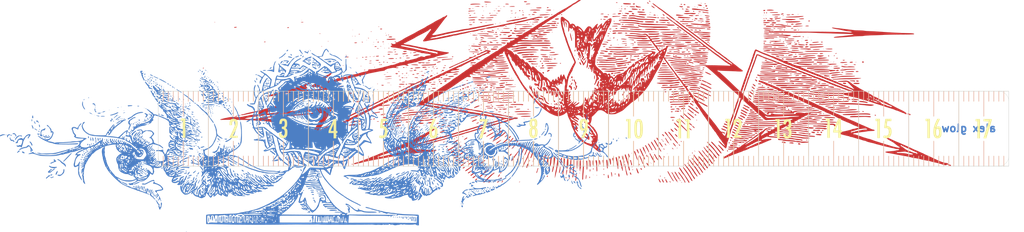
<source format=kicad_pcb>
(kicad_pcb (version 20171130) (host pcbnew "(5.1.5-0-10_14)")
  (layers (0 F.Cu signal) (31 B.Cu signal) (34 B.Paste user) (35 F.Paste user) (36 B.SilkS user) (37 F.SilkS user) (38 B.Mask user) (39 F.Mask user) (44 Edge.Cuts user))
  (net 0 "")
  (module Aesthetics:fulsome-copper-450 (layer B.Cu) (at 129.54 58 180)
    (fp_text reference G*** hide)
    (fp_text value LOGO hide)
    (fp_poly (pts (xy -9.314974 10.737936) (xy -9.313334 10.724445) (xy -9.356287 10.669641) (xy -9.369778 10.668) (xy -9.424583 10.710953) (xy -9.426223 10.724445) (xy -9.38327 10.779249) (xy -9.369778 10.780889) (xy -9.314974 10.737936)) (layer B.Cu) (width 0.01))
    (fp_poly (pts (xy 27.494243 3.514079) (xy 27.475102 3.448421) (xy 27.395463 3.345642) (xy 27.265976 3.226781) (xy 27.111703 3.107786) (xy 27.024296 3.056891) (xy 26.986544 3.066865) (xy 26.980444 3.106805) (xy 27.026035 3.203866) (xy 27.146701 3.329887) (xy 27.31828 3.460014) (xy 27.333222 3.46969) (xy 27.448434 3.52653) (xy 27.494243 3.514079)) (layer B.Cu) (width 0.01))
    (fp_poly (pts (xy 26.754666 1.044223) (xy 26.726444 1.016) (xy 26.698222 1.044223) (xy 26.726444 1.072445) (xy 26.754666 1.044223)) (layer B.Cu) (width 0.01))
    (fp_poly (pts (xy -39.789434 -3.191521) (xy -39.747426 -3.261502) (xy -39.739289 -3.361158) (xy -39.765504 -3.43405) (xy -39.787295 -3.443111) (xy -39.848301 -3.397982) (xy -39.872145 -3.35335) (xy -39.88433 -3.246925) (xy -39.844691 -3.184706) (xy -39.789434 -3.191521)) (layer B.Cu) (width 0.01))
    (fp_poly (pts (xy -48.252813 -3.994288) (xy -48.141972 -4.107076) (xy -48.00863 -4.264357) (xy -47.872239 -4.441015) (xy -47.752253 -4.611934) (xy -47.668123 -4.751997) (xy -47.639112 -4.832452) (xy -47.684867 -4.852153) (xy -47.718582 -4.854222) (xy -47.80119 -4.810723) (xy -47.894905 -4.704934) (xy -47.902027 -4.694249) (xy -48.002486 -4.538964) (xy -48.117403 -4.360379) (xy -48.138576 -4.32736) (xy -48.230275 -4.200904) (xy -48.30401 -4.127719) (xy -48.32202 -4.120444) (xy -48.367176 -4.074644) (xy -48.372889 -4.035777) (xy -48.345202 -3.960622) (xy -48.321701 -3.951111) (xy -48.252813 -3.994288)) (layer B.Cu) (width 0.01))
    (fp_poly (pts (xy -48.545707 -4.163498) (xy -48.437883 -4.27613) (xy -48.306188 -4.433544) (xy -48.16966 -4.610945) (xy -48.047338 -4.783538) (xy -47.958259 -4.926527) (xy -47.921463 -5.015117) (xy -47.921334 -5.018157) (xy -47.950799 -5.081969) (xy -48.021996 -5.068896) (xy -48.10913 -4.99252) (xy -48.179117 -4.882444) (xy -48.250817 -4.755946) (xy -48.311854 -4.688385) (xy -48.322876 -4.684889) (xy -48.368741 -4.639818) (xy -48.372889 -4.610061) (xy -48.411092 -4.523105) (xy -48.504058 -4.412192) (xy -48.514 -4.402666) (xy -48.611725 -4.286198) (xy -48.655399 -4.184203) (xy -48.635168 -4.125461) (xy -48.61062 -4.120444) (xy -48.545707 -4.163498)) (layer B.Cu) (width 0.01))
    (fp_poly (pts (xy -48.724681 -4.501271) (xy -48.678721 -4.547325) (xy -48.474601 -4.772104) (xy -48.35585 -4.931628) (xy -48.319719 -5.031202) (xy -48.363459 -5.076136) (xy -48.402883 -5.08) (xy -48.492357 -5.03358) (xy -48.523937 -4.981222) (xy -48.583227 -4.879103) (xy -48.68886 -4.745016) (xy -48.726054 -4.703889) (xy -48.823618 -4.578261) (xy -48.86934 -4.475215) (xy -48.868499 -4.45016) (xy -48.822408 -4.429385) (xy -48.724681 -4.501271)) (layer B.Cu) (width 0.01))
    (fp_poly (pts (xy -33.337025 -1.970094) (xy -33.230162 -2.023986) (xy -33.17941 -2.028748) (xy -33.024699 -2.02157) (xy -32.912671 -2.040637) (xy -32.875162 -2.079623) (xy -32.878889 -2.088444) (xy -32.959152 -2.134911) (xy -32.980998 -2.134373) (xy -33.06538 -2.125601) (xy -33.231495 -2.111409) (xy -33.448474 -2.094389) (xy -33.528 -2.088444) (xy -33.712479 -2.072131) (xy -33.814138 -2.057383) (xy -33.821344 -2.046328) (xy -33.779178 -2.042515) (xy -33.617544 -2.02053) (xy -33.501508 -1.979073) (xy -33.485237 -1.966658) (xy -33.406291 -1.93126) (xy -33.337025 -1.970094)) (layer B.Cu) (width 0.01))
    (fp_poly (pts (xy -32.356778 -2.42259) (xy -32.310189 -2.460516) (xy -32.353984 -2.477172) (xy -32.455556 -2.480122) (xy -32.576525 -2.474727) (xy -32.597521 -2.453645) (xy -32.554334 -2.42259) (xy -32.417877 -2.397614) (xy -32.356778 -2.42259)) (layer B.Cu) (width 0.01))
    (fp_poly (pts (xy -33.032517 -2.298796) (xy -32.869762 -2.360148) (xy -32.84543 -2.376586) (xy -32.709556 -2.481045) (xy -32.850667 -2.473267) (xy -33.008364 -2.461806) (xy -33.189334 -2.445174) (xy -33.434719 -2.413666) (xy -33.57308 -2.379686) (xy -33.61028 -2.341244) (xy -33.581501 -2.311982) (xy -33.43747 -2.270405) (xy -33.238114 -2.267445) (xy -33.032517 -2.298796)) (layer B.Cu) (width 0.01))
    (fp_poly (pts (xy -33.429223 -2.564143) (xy -33.246063 -2.594982) (xy -33.019426 -2.629445) (xy -32.907112 -2.645267) (xy -32.693581 -2.686123) (xy -32.509374 -2.742229) (xy -32.383114 -2.80308) (xy -32.342667 -2.85243) (xy -32.391274 -2.87417) (xy -32.509184 -2.878759) (xy -32.654534 -2.868685) (xy -32.785461 -2.846439) (xy -32.850667 -2.822222) (xy -32.956176 -2.788896) (xy -33.122889 -2.769008) (xy -33.198828 -2.766642) (xy -33.437276 -2.753786) (xy -33.578866 -2.713891) (xy -33.637426 -2.642095) (xy -33.640889 -2.611242) (xy -33.618281 -2.557842) (xy -33.532582 -2.548824) (xy -33.429223 -2.564143)) (layer B.Cu) (width 0.01))
    (fp_poly (pts (xy -33.025091 -3.00331) (xy -33.032009 -3.055803) (xy -33.063097 -3.098292) (xy -33.099985 -3.055575) (xy -33.120697 -2.972479) (xy -33.110319 -2.95017) (xy -33.05452 -2.940901) (xy -33.025091 -3.00331)) (layer B.Cu) (width 0.01))
    (fp_poly (pts (xy -32.427334 -3.104444) (xy -32.431809 -3.156457) (xy -32.452225 -3.160889) (xy -32.509703 -3.201862) (xy -32.512 -3.217333) (xy -32.468 -3.263809) (xy -32.370828 -3.269599) (xy -32.272734 -3.234403) (xy -32.25384 -3.218817) (xy -32.159035 -3.201395) (xy -32.038543 -3.247039) (xy -31.896277 -3.306434) (xy -31.785882 -3.330291) (xy -31.674214 -3.371874) (xy -31.527462 -3.48015) (xy -31.377054 -3.630601) (xy -31.333792 -3.683) (xy -31.293843 -3.762244) (xy -31.327858 -3.786175) (xy -31.413082 -3.757695) (xy -31.526761 -3.679711) (xy -31.554863 -3.654777) (xy -31.644899 -3.586596) (xy -31.75284 -3.548751) (xy -31.912525 -3.533663) (xy -32.09915 -3.53287) (xy -32.336998 -3.528313) (xy -32.477628 -3.505792) (xy -32.535624 -3.462949) (xy -32.535873 -3.462315) (xy -32.61291 -3.409671) (xy -32.780166 -3.387119) (xy -32.813618 -3.386666) (xy -33.084724 -3.373506) (xy -33.284117 -3.336585) (xy -33.396221 -3.27974) (xy -33.415112 -3.2385) (xy -33.368232 -3.185937) (xy -33.26002 -3.16168) (xy -33.139111 -3.168536) (xy -33.054145 -3.20931) (xy -33.048223 -3.217333) (xy -32.960515 -3.270918) (xy -32.833423 -3.226585) (xy -32.750782 -3.160889) (xy -32.608295 -3.066729) (xy -32.487163 -3.056671) (xy -32.427334 -3.104444)) (layer B.Cu) (width 0.01))
    (fp_poly (pts (xy -31.697568 -3.748896) (xy -31.601956 -3.80044) (xy -31.519748 -3.867038) (xy -31.496 -3.908244) (xy -31.531343 -3.94999) (xy -31.616781 -3.920719) (xy -31.692212 -3.859724) (xy -31.753728 -3.779316) (xy -31.758185 -3.742925) (xy -31.697568 -3.748896)) (layer B.Cu) (width 0.01))
    (fp_poly (pts (xy -31.778223 -3.979333) (xy -31.806445 -4.007555) (xy -31.834667 -3.979333) (xy -31.806445 -3.951111) (xy -31.778223 -3.979333)) (layer B.Cu) (width 0.01))
    (fp_poly (pts (xy -32.200413 -3.971961) (xy -32.140215 -4.027822) (xy -32.144865 -4.063601) (xy -32.226072 -4.118089) (xy -32.310109 -4.070223) (xy -32.316766 -4.060244) (xy -32.329509 -3.981136) (xy -32.25984 -3.957068) (xy -32.200413 -3.971961)) (layer B.Cu) (width 0.01))
    (fp_poly (pts (xy -32.194035 -4.755181) (xy -32.093442 -4.826185) (xy -31.971484 -4.929326) (xy -31.899427 -5.009823) (xy -31.891112 -5.030254) (xy -31.930918 -5.075467) (xy -32.029325 -5.057722) (xy -32.145112 -4.989673) (xy -32.268438 -4.901247) (xy -32.342667 -4.853873) (xy -32.395551 -4.794996) (xy -32.361553 -4.738334) (xy -32.295568 -4.712587) (xy -32.194035 -4.755181)) (layer B.Cu) (width 0.01))
    (fp_poly (pts (xy -32.237305 -5.161663) (xy -32.186535 -5.244127) (xy -32.183413 -5.307793) (xy -32.225371 -5.338415) (xy -32.303372 -5.280564) (xy -32.364823 -5.185759) (xy -32.364729 -5.126477) (xy -32.30834 -5.11081) (xy -32.237305 -5.161663)) (layer B.Cu) (width 0.01))
    (fp_poly (pts (xy -34.318795 -4.926086) (xy -34.318223 -4.938889) (xy -34.29509 -5.014101) (xy -34.275557 -5.023555) (xy -34.229253 -5.068213) (xy -34.169246 -5.171767) (xy -34.117523 -5.288583) (xy -34.096071 -5.373031) (xy -34.10039 -5.387106) (xy -34.16224 -5.384447) (xy -34.235516 -5.361957) (xy -34.369485 -5.286132) (xy -34.451626 -5.193217) (xy -34.462054 -5.11071) (xy -34.436861 -5.083553) (xy -34.401105 -5.038691) (xy -34.457533 -5.003834) (xy -34.521149 -4.994833) (xy -34.521193 -5.014794) (xy -34.538888 -5.055441) (xy -34.57494 -5.061185) (xy -34.623578 -5.047255) (xy -34.591594 -4.98954) (xy -34.563709 -4.957703) (xy -34.453931 -4.873209) (xy -34.362322 -4.861906) (xy -34.318795 -4.926086)) (layer B.Cu) (width 0.01))
    (fp_poly (pts (xy -37.609628 -5.582393) (xy -37.592 -5.700889) (xy -37.613539 -5.833532) (xy -37.669186 -5.862999) (xy -37.745489 -5.784913) (xy -37.761958 -5.756166) (xy -37.795743 -5.625086) (xy -37.742291 -5.545636) (xy -37.673336 -5.531555) (xy -37.609628 -5.582393)) (layer B.Cu) (width 0.01))
    (fp_poly (pts (xy -39.012946 -5.971848) (xy -39.003112 -6.011333) (xy -39.048294 -6.086165) (xy -39.087778 -6.096) (xy -39.162611 -6.050818) (xy -39.172445 -6.011333) (xy -39.127263 -5.936501) (xy -39.087778 -5.926666) (xy -39.012946 -5.971848)) (layer B.Cu) (width 0.01))
    (fp_poly (pts (xy -39.371586 -5.828445) (xy -39.39303 -6.011152) (xy -39.393414 -6.013261) (xy -39.442498 -6.21436) (xy -39.500643 -6.352608) (xy -39.558202 -6.408574) (xy -39.584794 -6.398614) (xy -39.620737 -6.293247) (xy -39.606977 -6.127968) (xy -39.548541 -5.941601) (xy -39.517157 -5.876113) (xy -39.437793 -5.756333) (xy -39.387888 -5.741975) (xy -39.371586 -5.828445)) (layer B.Cu) (width 0.01))
    (fp_poly (pts (xy -39.940028 -5.882641) (xy -39.957984 -5.917915) (xy -40.01315 -6.055239) (xy -39.987755 -6.133052) (xy -39.906223 -6.168799) (xy -39.819899 -6.229567) (xy -39.793362 -6.366366) (xy -39.793334 -6.372938) (xy -39.81584 -6.507425) (xy -39.87438 -6.542777) (xy -39.955492 -6.481314) (xy -40.043733 -6.329762) (xy -40.111874 -6.118469) (xy -40.113992 -5.949864) (xy -40.051886 -5.844923) (xy -40.000317 -5.823424) (xy -39.930294 -5.823263) (xy -39.940028 -5.882641)) (layer B.Cu) (width 0.01))
    (fp_poly (pts (xy -35.503556 -6.011333) (xy -35.418889 -6.111104) (xy -35.390667 -6.181508) (xy -35.34935 -6.260505) (xy -35.249964 -6.355184) (xy -35.249556 -6.35549) (xy -35.151971 -6.452967) (xy -35.107446 -6.544452) (xy -35.127892 -6.599202) (xy -35.153291 -6.604) (xy -35.208597 -6.562488) (xy -35.307133 -6.454586) (xy -35.407291 -6.329739) (xy -35.52678 -6.159641) (xy -35.598127 -6.031254) (xy -35.617268 -5.958015) (xy -35.580141 -5.953364) (xy -35.503556 -6.011333)) (layer B.Cu) (width 0.01))
    (fp_poly (pts (xy -36.198776 -6.480527) (xy -36.192047 -6.568743) (xy -36.203232 -6.588713) (xy -36.228887 -6.571879) (xy -36.232878 -6.514629) (xy -36.219093 -6.454401) (xy -36.198776 -6.480527)) (layer B.Cu) (width 0.01))
    (fp_poly (pts (xy -38.89459 -6.422034) (xy -38.890223 -6.53546) (xy -38.911326 -6.667305) (xy -38.961488 -6.716162) (xy -39.020983 -6.66993) (xy -39.040824 -6.627845) (xy -39.031958 -6.521713) (xy -38.982608 -6.446416) (xy -38.919668 -6.393776) (xy -38.89459 -6.422034)) (layer B.Cu) (width 0.01))
    (fp_poly (pts (xy -39.24309 -6.538099) (xy -39.230084 -6.646173) (xy -39.240009 -6.765993) (xy -39.272597 -6.848222) (xy -39.28127 -6.855488) (xy -39.337537 -6.837904) (xy -39.367217 -6.782104) (xy -39.378211 -6.653848) (xy -39.344621 -6.540948) (xy -39.280867 -6.491136) (xy -39.279295 -6.491111) (xy -39.24309 -6.538099)) (layer B.Cu) (width 0.01))
    (fp_poly (pts (xy -37.215952 -6.759222) (xy -37.208497 -6.874783) (xy -37.215952 -6.900333) (xy -37.236554 -6.907424) (xy -37.244422 -6.829777) (xy -37.235551 -6.749647) (xy -37.215952 -6.759222)) (layer B.Cu) (width 0.01))
    (fp_poly (pts (xy -37.970736 -5.901708) (xy -37.879305 -5.996083) (xy -37.828515 -6.188825) (xy -37.818549 -6.36078) (xy -37.803426 -6.495236) (xy -37.767947 -6.571613) (xy -37.766437 -6.572624) (xy -37.736672 -6.640328) (xy -37.721844 -6.76956) (xy -37.721657 -6.918715) (xy -37.735815 -7.046188) (xy -37.764022 -7.110374) (xy -37.770274 -7.112) (xy -37.816451 -7.068791) (xy -37.817778 -7.055555) (xy -37.86156 -7.001818) (xy -37.880806 -6.999111) (xy -37.918943 -7.037311) (xy -37.897713 -7.157145) (xy -37.846365 -7.295444) (xy -37.833814 -7.377962) (xy -37.888724 -7.382643) (xy -37.999024 -7.311764) (xy -38.065347 -7.254127) (xy -38.199905 -7.141411) (xy -38.321199 -7.058096) (xy -38.327589 -7.054586) (xy -38.416028 -6.984742) (xy -38.438667 -6.938395) (xy -38.469686 -6.858161) (xy -38.545463 -6.737447) (xy -38.556417 -6.722386) (xy -38.629501 -6.599491) (xy -38.647744 -6.474367) (xy -38.625187 -6.315449) (xy -38.577544 -6.145635) (xy -38.529685 -6.076139) (xy -38.494019 -6.108533) (xy -38.482958 -6.244392) (xy -38.485709 -6.297766) (xy -38.474463 -6.497487) (xy -38.414046 -6.601011) (xy -38.3396 -6.71201) (xy -38.325778 -6.780244) (xy -38.300769 -6.868144) (xy -38.269334 -6.886222) (xy -38.226535 -6.838021) (xy -38.212889 -6.748442) (xy -38.233701 -6.628927) (xy -38.269334 -6.575777) (xy -38.321718 -6.489125) (xy -38.327572 -6.35503) (xy -38.295112 -6.216951) (xy -38.232555 -6.118347) (xy -38.178628 -6.096) (xy -38.136372 -6.1238) (xy -38.111638 -6.219318) (xy -38.10105 -6.40073) (xy -38.1 -6.519333) (xy -38.095971 -6.740574) (xy -38.080881 -6.870518) (xy -38.050229 -6.930568) (xy -38.010943 -6.942666) (xy -37.966284 -6.92666) (xy -37.94252 -6.86414) (xy -37.93637 -6.733352) (xy -37.94455 -6.512542) (xy -37.944934 -6.505222) (xy -37.961538 -6.281973) (xy -37.984224 -6.094104) (xy -38.008494 -5.977595) (xy -38.012054 -5.968359) (xy -38.027859 -5.897111) (xy -37.970736 -5.901708)) (layer B.Cu) (width 0.01))
    (fp_poly (pts (xy -37.091387 -7.302372) (xy -37.095625 -7.403486) (xy -37.116372 -7.535333) (xy -37.161785 -7.404079) (xy -37.184588 -7.2916) (xy -37.173821 -7.23945) (xy -37.119593 -7.228048) (xy -37.091387 -7.302372)) (layer B.Cu) (width 0.01))
    (fp_poly (pts (xy -37.704889 -7.478889) (xy -37.733112 -7.507111) (xy -37.761334 -7.478889) (xy -37.733112 -7.450666) (xy -37.704889 -7.478889)) (layer B.Cu) (width 0.01))
    (fp_poly (pts (xy -39.009007 -6.936075) (xy -38.945555 -7.060469) (xy -38.901394 -7.221659) (xy -38.890223 -7.340433) (xy -38.911746 -7.466119) (xy -38.964318 -7.508589) (xy -39.028441 -7.455347) (xy -39.063002 -7.357264) (xy -39.088448 -7.212161) (xy -39.101485 -7.059191) (xy -39.098822 -6.937507) (xy -39.077167 -6.886262) (xy -39.076288 -6.886222) (xy -39.009007 -6.936075)) (layer B.Cu) (width 0.01))
    (fp_poly (pts (xy -39.625493 -6.746461) (xy -39.552544 -6.867442) (xy -39.49811 -7.021153) (xy -39.486078 -7.082189) (xy -39.446315 -7.239027) (xy -39.389969 -7.342475) (xy -39.367292 -7.359229) (xy -39.300847 -7.414681) (xy -39.287099 -7.480219) (xy -39.329234 -7.507111) (xy -39.395349 -7.468706) (xy -39.467528 -7.396867) (xy -39.60084 -7.212519) (xy -39.703083 -7.017636) (xy -39.761567 -6.842762) (xy -39.7636 -6.718442) (xy -39.756111 -6.702326) (xy -39.699251 -6.68312) (xy -39.625493 -6.746461)) (layer B.Cu) (width 0.01))
    (fp_poly (pts (xy -36.957144 -6.842705) (xy -36.902637 -6.975622) (xy -36.860657 -7.083777) (xy -36.802671 -7.222128) (xy -36.747318 -7.34447) (xy -36.702355 -7.482272) (xy -36.697433 -7.579198) (xy -36.725346 -7.622456) (xy -36.782457 -7.576421) (xy -36.815889 -7.533666) (xy -36.888252 -7.411949) (xy -36.914667 -7.324337) (xy -36.951616 -7.216633) (xy -36.975223 -7.18691) (xy -37.011001 -7.093214) (xy -37.015973 -6.947516) (xy -37.014802 -6.935733) (xy -37.002288 -6.833265) (xy -36.986715 -6.798754) (xy -36.957144 -6.842705)) (layer B.Cu) (width 0.01))
    (fp_poly (pts (xy -36.973612 -7.595745) (xy -36.959823 -7.608711) (xy -36.921153 -7.68552) (xy -36.959823 -7.744177) (xy -37.010372 -7.771961) (xy -37.027144 -7.703611) (xy -37.027556 -7.676444) (xy -37.016173 -7.586728) (xy -36.973612 -7.595745)) (layer B.Cu) (width 0.01))
    (fp_poly (pts (xy -39.099428 -7.678134) (xy -39.039198 -7.759464) (xy -39.056958 -7.787318) (xy -39.090102 -7.789333) (xy -39.183187 -7.743576) (xy -39.209412 -7.702232) (xy -39.227054 -7.607781) (xy -39.183852 -7.601013) (xy -39.099428 -7.678134)) (layer B.Cu) (width 0.01))
    (fp_poly (pts (xy -35.13845 -5.264834) (xy -35.124236 -5.291666) (xy -35.065612 -5.357225) (xy -35.043265 -5.362222) (xy -34.958661 -5.397964) (xy -34.916146 -5.432777) (xy -34.832282 -5.507688) (xy -34.691029 -5.626741) (xy -34.523641 -5.76418) (xy -34.361373 -5.894249) (xy -34.269446 -5.965693) (xy -34.152028 -6.025787) (xy -34.091911 -6.03776) (xy -33.997378 -6.082909) (xy -33.936211 -6.152444) (xy -33.839842 -6.241837) (xy -33.762048 -6.265333) (xy -33.647487 -6.304955) (xy -33.556223 -6.378222) (xy -33.493677 -6.460487) (xy -33.512987 -6.489638) (xy -33.536186 -6.491111) (xy -33.649819 -6.4541) (xy -33.676051 -6.433371) (xy -33.769914 -6.410942) (xy -33.939923 -6.461761) (xy -33.942133 -6.462682) (xy -34.150475 -6.549733) (xy -33.952127 -6.748081) (xy -33.820927 -6.894721) (xy -33.760272 -6.996823) (xy -33.7742 -7.043029) (xy -33.852556 -7.027957) (xy -33.98341 -6.975234) (xy -34.033095 -6.955135) (xy -34.061313 -6.968971) (xy -34.016207 -7.058558) (xy -33.983737 -7.106128) (xy -33.880405 -7.232055) (xy -33.789276 -7.312495) (xy -33.773317 -7.320698) (xy -33.728371 -7.356571) (xy -33.778569 -7.412784) (xy -33.791317 -7.422277) (xy -33.85397 -7.480537) (xy -33.849403 -7.545064) (xy -33.793603 -7.638435) (xy -33.735831 -7.757338) (xy -33.760376 -7.821568) (xy -33.762969 -7.823235) (xy -33.838423 -7.812874) (xy -33.926187 -7.731327) (xy -33.992186 -7.610328) (xy -33.992468 -7.609487) (xy -34.055104 -7.566811) (xy -34.148604 -7.548057) (xy -34.299688 -7.499732) (xy -34.387657 -7.437676) (xy -34.490107 -7.360416) (xy -34.556031 -7.337777) (xy -34.553834 -7.372181) (xy -34.482773 -7.462499) (xy -34.358135 -7.589394) (xy -34.354214 -7.593104) (xy -34.219268 -7.731921) (xy -34.12941 -7.846473) (xy -34.104358 -7.909738) (xy -34.148651 -7.925884) (xy -34.200197 -7.880189) (xy -34.310705 -7.804356) (xy -34.3811 -7.789333) (xy -34.492283 -7.745131) (xy -34.5571 -7.676444) (xy -34.637007 -7.578527) (xy -34.693777 -7.588906) (xy -34.731658 -7.683975) (xy -34.763149 -7.804395) (xy -34.968433 -7.683275) (xy -35.173717 -7.562154) (xy -35.333239 -7.675743) (xy -35.463699 -7.753394) (xy -35.565888 -7.789078) (xy -35.571536 -7.789333) (xy -35.69444 -7.740491) (xy -35.77479 -7.624378) (xy -35.785778 -7.559178) (xy -35.826311 -7.445167) (xy -35.830744 -7.440083) (xy -35.039065 -7.440083) (xy -35.014499 -7.497661) (xy -34.972038 -7.507111) (xy -34.894283 -7.461664) (xy -34.882667 -7.41774) (xy -34.915569 -7.355928) (xy -34.98327 -7.365785) (xy -35.039065 -7.440083) (xy -35.830744 -7.440083) (xy -35.871487 -7.393357) (xy -35.955057 -7.294628) (xy -36.034003 -7.156928) (xy -36.090619 -7.018857) (xy -36.107202 -6.919012) (xy -36.098552 -6.898315) (xy -36.04346 -6.911927) (xy -35.954891 -6.992116) (xy -35.858524 -7.109312) (xy -35.780043 -7.233945) (xy -35.753646 -7.295444) (xy -35.698747 -7.384689) (xy -35.64416 -7.37246) (xy -35.624609 -7.29746) (xy -34.205334 -7.29746) (xy -34.182044 -7.417601) (xy -34.125288 -7.448737) (xy -34.060875 -7.388805) (xy -34.065633 -7.30567) (xy -34.113988 -7.235599) (xy -34.17947 -7.18109) (xy -34.202715 -7.214731) (xy -34.205334 -7.29746) (xy -35.624609 -7.29746) (xy -35.616674 -7.267022) (xy -35.616445 -7.253111) (xy -35.631073 -7.146969) (xy -35.659111 -7.112) (xy -35.707312 -7.065492) (xy -35.75723 -6.974794) (xy -35.210082 -6.974794) (xy -35.194462 -7.051301) (xy -35.127084 -7.145456) (xy -35.034773 -7.166275) (xy -34.971996 -7.119543) (xy -34.977209 -7.093813) (xy -34.794504 -7.093813) (xy -34.766835 -7.115013) (xy -34.627018 -7.164932) (xy -34.528942 -7.120804) (xy -34.507034 -7.081343) (xy -34.497011 -6.980285) (xy -34.568683 -6.95348) (xy -34.69604 -6.99382) (xy -34.793619 -7.049616) (xy -34.794504 -7.093813) (xy -34.977209 -7.093813) (xy -34.985153 -7.054615) (xy -35.052803 -6.971681) (xy -35.136455 -6.90784) (xy -35.197615 -6.900192) (xy -35.198611 -6.901129) (xy -35.210082 -6.974794) (xy -35.75723 -6.974794) (xy -35.770174 -6.951277) (xy -35.780218 -6.928555) (xy -35.858686 -6.773027) (xy -35.939747 -6.651028) (xy -35.941953 -6.648435) (xy -35.994746 -6.527557) (xy -35.987547 -6.453515) (xy -35.953944 -6.401242) (xy -35.906834 -6.429351) (xy -35.841166 -6.521968) (xy -35.715428 -6.710294) (xy -35.631573 -6.821079) (xy -35.573047 -6.873371) (xy -35.524602 -6.886222) (xy -35.481041 -6.846806) (xy -35.4975 -6.749345) (xy -35.564837 -6.625017) (xy -35.621728 -6.554888) (xy -35.706602 -6.438067) (xy -35.727235 -6.351512) (xy -35.684842 -6.321777) (xy -35.627476 -6.361812) (xy -35.524659 -6.465493) (xy -35.428033 -6.575777) (xy -35.271655 -6.746983) (xy -35.16864 -6.821469) (xy -35.116441 -6.800586) (xy -35.108445 -6.745111) (xy -35.065374 -6.685335) (xy -34.318223 -6.685335) (xy -34.288753 -6.762563) (xy -34.261778 -6.773333) (xy -34.206949 -6.732821) (xy -34.205334 -6.72022) (xy -34.246363 -6.643775) (xy -34.261778 -6.632222) (xy -34.3101 -6.645018) (xy -34.318223 -6.685335) (xy -35.065374 -6.685335) (xy -35.059378 -6.677015) (xy -34.967334 -6.660444) (xy -34.861778 -6.640699) (xy -34.837227 -6.576062) (xy -34.895826 -6.458431) (xy -35.039718 -6.279702) (xy -35.079979 -6.234744) (xy -35.232505 -6.051342) (xy -35.320036 -5.912613) (xy -35.336107 -5.830747) (xy -35.303313 -5.813777) (xy -35.251072 -5.850767) (xy -35.142701 -5.948094) (xy -35.000909 -6.085293) (xy -34.99018 -6.096) (xy -34.798904 -6.27552) (xy -34.67272 -6.365843) (xy -34.60935 -6.368355) (xy -34.600445 -6.333148) (xy -34.637844 -6.274575) (xy -34.736876 -6.160264) (xy -34.877793 -6.012713) (xy -34.910093 -5.98037) (xy -35.057214 -5.829159) (xy -35.166693 -5.707089) (xy -35.218752 -5.636462) (xy -35.220538 -5.630333) (xy -35.194899 -5.588771) (xy -35.111542 -5.625934) (xy -34.96531 -5.745028) (xy -34.826862 -5.874894) (xy -34.64413 -6.037208) (xy -34.523422 -6.110405) (xy -34.474932 -6.105953) (xy -34.479274 -6.034156) (xy -34.580561 -5.909678) (xy -34.661728 -5.833169) (xy -34.919082 -5.595338) (xy -35.092801 -5.417187) (xy -35.180431 -5.301427) (xy -35.18589 -5.254543) (xy -35.13845 -5.264834)) (layer B.Cu) (width 0.01))
    (fp_poly (pts (xy -36.820593 -7.864592) (xy -36.813838 -7.931579) (xy -36.820593 -7.939851) (xy -36.854149 -7.932103) (xy -36.858223 -7.902222) (xy -36.837571 -7.855762) (xy -36.820593 -7.864592)) (layer B.Cu) (width 0.01))
    (fp_poly (pts (xy -36.339673 -6.916066) (xy -36.256367 -7.042873) (xy -36.157069 -7.240367) (xy -36.038747 -7.465848) (xy -35.902088 -7.688081) (xy -35.804292 -7.823368) (xy -35.698629 -7.960005) (xy -35.630489 -8.060346) (xy -35.616445 -8.09148) (xy -35.649744 -8.129745) (xy -35.736265 -8.091557) (xy -35.855949 -7.986329) (xy -35.868161 -7.973354) (xy -35.962627 -7.853747) (xy -36.0102 -7.758803) (xy -36.011556 -7.747576) (xy -36.041293 -7.681525) (xy -36.058771 -7.676444) (xy -36.109678 -7.629372) (xy -36.185269 -7.510069) (xy -36.269023 -7.351406) (xy -36.344422 -7.186254) (xy -36.394945 -7.047482) (xy -36.406667 -6.984189) (xy -36.38987 -6.896405) (xy -36.339673 -6.916066)) (layer B.Cu) (width 0.01))
    (fp_poly (pts (xy -17.842798 -2.050407) (xy -17.847234 -2.12636) (xy -17.867134 -2.197697) (xy -17.892948 -2.16486) (xy -17.909997 -2.122699) (xy -17.931744 -2.02273) (xy -17.92244 -1.986291) (xy -17.870683 -1.979413) (xy -17.842798 -2.050407)) (layer B.Cu) (width 0.01))
    (fp_poly (pts (xy -20.264688 -3.018413) (xy -20.228288 -3.089386) (xy -20.253314 -3.104444) (xy -20.336043 -3.062904) (xy -20.350544 -3.044244) (xy -20.371673 -2.970764) (xy -20.32787 -2.964736) (xy -20.264688 -3.018413)) (layer B.Cu) (width 0.01))
    (fp_poly (pts (xy -20.545778 -3.132666) (xy -20.574 -3.160889) (xy -20.602223 -3.132666) (xy -20.574 -3.104444) (xy -20.545778 -3.132666)) (layer B.Cu) (width 0.01))
    (fp_poly (pts (xy -20.451704 -3.236148) (xy -20.444949 -3.303134) (xy -20.451704 -3.311407) (xy -20.48526 -3.303659) (xy -20.489334 -3.273777) (xy -20.468682 -3.227317) (xy -20.451704 -3.236148)) (layer B.Cu) (width 0.01))
    (fp_poly (pts (xy -19.368055 -2.893782) (xy -19.374942 -2.973026) (xy -19.398271 -3.04548) (xy -19.426822 -3.01213) (xy -19.443349 -2.97501) (xy -19.464193 -2.875489) (xy -19.452085 -2.838602) (xy -19.396277 -2.826059) (xy -19.368055 -2.893782)) (layer B.Cu) (width 0.01))
    (fp_poly (pts (xy -22.82787 -3.761765) (xy -22.69943 -3.796079) (xy -22.633015 -3.854907) (xy -22.630977 -3.866444) (xy -22.656157 -3.914043) (xy -22.749726 -3.928436) (xy -22.929376 -3.911249) (xy -23.001112 -3.90043) (xy -23.139737 -3.875353) (xy -23.180098 -3.851304) (xy -23.135731 -3.813666) (xy -23.100358 -3.79326) (xy -22.975719 -3.758611) (xy -22.82787 -3.761765)) (layer B.Cu) (width 0.01))
    (fp_poly (pts (xy -24.272752 -3.542508) (xy -24.271112 -3.556) (xy -24.314064 -3.610804) (xy -24.327556 -3.612444) (xy -24.38236 -3.569491) (xy -24.384 -3.556) (xy -24.341048 -3.501195) (xy -24.327556 -3.499555) (xy -24.272752 -3.542508)) (layer B.Cu) (width 0.01))
    (fp_poly (pts (xy -20.943186 -3.484084) (xy -20.940889 -3.499555) (xy -20.960147 -3.554532) (xy -20.96578 -3.556) (xy -21.013971 -3.516447) (xy -21.025556 -3.499555) (xy -21.021081 -3.447543) (xy -21.000665 -3.443111) (xy -20.943186 -3.484084)) (layer B.Cu) (width 0.01))
    (fp_poly (pts (xy -20.826736 -3.602244) (xy -20.771556 -3.668889) (xy -20.689292 -3.798381) (xy -20.667804 -3.882204) (xy -20.701693 -3.902329) (xy -20.785559 -3.84073) (xy -20.813889 -3.810235) (xy -20.874678 -3.688913) (xy -20.88319 -3.628937) (xy -20.871431 -3.573675) (xy -20.826736 -3.602244)) (layer B.Cu) (width 0.01))
    (fp_poly (pts (xy -21.337641 -3.881175) (xy -21.336 -3.894666) (xy -21.378953 -3.949471) (xy -21.392445 -3.951111) (xy -21.447249 -3.908158) (xy -21.448889 -3.894666) (xy -21.405937 -3.839862) (xy -21.392445 -3.838222) (xy -21.337641 -3.881175)) (layer B.Cu) (width 0.01))
    (fp_poly (pts (xy -20.545783 -3.993681) (xy -20.545778 -3.996266) (xy -20.559661 -4.104129) (xy -20.601246 -4.102622) (xy -20.633485 -4.059081) (xy -20.633444 -3.97124) (xy -20.608593 -3.934904) (xy -20.560175 -3.913823) (xy -20.545783 -3.993681)) (layer B.Cu) (width 0.01))
    (fp_poly (pts (xy -22.013334 -4.374444) (xy -22.041556 -4.402666) (xy -22.069778 -4.374444) (xy -22.041556 -4.346222) (xy -22.013334 -4.374444)) (layer B.Cu) (width 0.01))
    (fp_poly (pts (xy -21.844 -4.543777) (xy -21.872223 -4.572) (xy -21.900445 -4.543777) (xy -21.872223 -4.515555) (xy -21.844 -4.543777)) (layer B.Cu) (width 0.01))
    (fp_poly (pts (xy -22.182667 -4.543777) (xy -22.210889 -4.572) (xy -22.239112 -4.543777) (xy -22.210889 -4.515555) (xy -22.182667 -4.543777)) (layer B.Cu) (width 0.01))
    (fp_poly (pts (xy -22.98585 -4.378337) (xy -22.905096 -4.417372) (xy -22.782318 -4.493779) (xy -22.677657 -4.579154) (xy -22.615249 -4.650396) (xy -22.619232 -4.684406) (xy -22.625575 -4.684889) (xy -22.725704 -4.703684) (xy -22.763182 -4.716258) (xy -22.851105 -4.692781) (xy -22.955201 -4.573289) (xy -22.962132 -4.562518) (xy -23.04293 -4.423899) (xy -23.05212 -4.365773) (xy -22.98585 -4.378337)) (layer B.Cu) (width 0.01))
    (fp_poly (pts (xy -25.089044 -4.760364) (xy -25.069006 -4.859054) (xy -25.071696 -4.896073) (xy -25.123169 -5.0287) (xy -25.194834 -5.070797) (xy -25.269951 -5.063131) (xy -25.265426 -5.014835) (xy -25.216043 -4.894651) (xy -25.195898 -4.840111) (xy -25.139693 -4.750287) (xy -25.089044 -4.760364)) (layer B.Cu) (width 0.01))
    (fp_poly (pts (xy -25.343556 -7.083777) (xy -25.371778 -7.112) (xy -25.4 -7.083777) (xy -25.371778 -7.055555) (xy -25.343556 -7.083777)) (layer B.Cu) (width 0.01))
    (fp_poly (pts (xy -16.934974 -7.211397) (xy -16.933334 -7.224889) (xy -16.976287 -7.279693) (xy -16.989778 -7.281333) (xy -17.044583 -7.23838) (xy -17.046223 -7.224889) (xy -17.00327 -7.170084) (xy -16.989778 -7.168444) (xy -16.934974 -7.211397)) (layer B.Cu) (width 0.01))
    (fp_poly (pts (xy -26.752501 -7.121458) (xy -26.810023 -7.181643) (xy -26.839334 -7.209696) (xy -27.034741 -7.381762) (xy -27.197982 -7.499737) (xy -27.315006 -7.55545) (xy -27.371762 -7.54073) (xy -27.374935 -7.521222) (xy -27.329921 -7.473344) (xy -27.21176 -7.386285) (xy -27.044785 -7.277793) (xy -27.022157 -7.263892) (xy -26.849248 -7.15982) (xy -26.76247 -7.113263) (xy -26.752501 -7.121458)) (layer B.Cu) (width 0.01))
    (fp_poly (pts (xy 36.275999 -3.707728) (xy 36.286722 -3.718277) (xy 36.380801 -3.836309) (xy 36.404244 -3.921258) (xy 36.356805 -3.951111) (xy 36.298652 -3.905359) (xy 36.272102 -3.852333) (xy 36.222251 -3.723007) (xy 36.202019 -3.675944) (xy 36.209906 -3.655213) (xy 36.275999 -3.707728)) (layer B.Cu) (width 0.01))
    (fp_poly (pts (xy 34.147115 -5.113585) (xy 34.105722 -5.186272) (xy 34.013617 -5.260751) (xy 33.912334 -5.311147) (xy 33.843403 -5.311583) (xy 33.838496 -5.305861) (xy 33.847343 -5.254466) (xy 33.873002 -5.249333) (xy 33.965836 -5.214292) (xy 34.045666 -5.155918) (xy 34.121558 -5.103572) (xy 34.147115 -5.113585)) (layer B.Cu) (width 0.01))
    (fp_poly (pts (xy 36.787 -5.079112) (xy 36.816534 -5.114162) (xy 36.885209 -5.232226) (xy 36.86079 -5.311641) (xy 36.734688 -5.368766) (xy 36.674777 -5.384232) (xy 36.557424 -5.395216) (xy 36.519724 -5.347297) (xy 36.519555 -5.341114) (xy 36.565338 -5.254327) (xy 36.610078 -5.226674) (xy 36.672695 -5.159759) (xy 36.670412 -5.113264) (xy 36.656202 -5.021659) (xy 36.701612 -5.010315) (xy 36.787 -5.079112)) (layer B.Cu) (width 0.01))
    (fp_poly (pts (xy 36.299776 -5.212082) (xy 36.318966 -5.225267) (xy 36.390442 -5.308027) (xy 36.370196 -5.364826) (xy 36.295261 -5.384489) (xy 36.240893 -5.33829) (xy 36.186835 -5.236375) (xy 36.212069 -5.186189) (xy 36.299776 -5.212082)) (layer B.Cu) (width 0.01))
    (fp_poly (pts (xy 29.311354 -6.814523) (xy 29.322888 -6.829777) (xy 29.320308 -6.881873) (xy 29.301329 -6.886222) (xy 29.221534 -6.845031) (xy 29.21 -6.829777) (xy 29.21258 -6.777682) (xy 29.231559 -6.773333) (xy 29.311354 -6.814523)) (layer B.Cu) (width 0.01))
    (fp_poly (pts (xy 32.512 -6.683963) (xy 32.466553 -6.761717) (xy 32.422629 -6.773333) (xy 32.356798 -6.740514) (xy 32.355601 -6.706305) (xy 32.411783 -6.631767) (xy 32.479419 -6.622289) (xy 32.512 -6.683963)) (layer B.Cu) (width 0.01))
    (fp_poly (pts (xy 32.773677 -6.613557) (xy 32.813453 -6.65051) (xy 32.870847 -6.743422) (xy 32.860739 -6.79533) (xy 32.785578 -6.786247) (xy 32.738837 -6.746387) (xy 32.6856 -6.64596) (xy 32.703984 -6.592984) (xy 32.773677 -6.613557)) (layer B.Cu) (width 0.01))
    (fp_poly (pts (xy 32.624888 -6.970889) (xy 32.596666 -6.999111) (xy 32.568444 -6.970889) (xy 32.596666 -6.942666) (xy 32.624888 -6.970889)) (layer B.Cu) (width 0.01))
    (fp_poly (pts (xy 32.999771 -6.99142) (xy 33.02 -7.112) (xy 33.006433 -7.240105) (xy 32.957441 -7.267786) (xy 32.86059 -7.198227) (xy 32.823696 -7.162257) (xy 32.751776 -7.075368) (xy 32.762094 -7.022123) (xy 32.795474 -6.997143) (xy 32.925657 -6.945354) (xy 32.999771 -6.99142)) (layer B.Cu) (width 0.01))
    (fp_poly (pts (xy 32.899965 -7.368448) (xy 33.006171 -7.438674) (xy 33.098493 -7.515778) (xy 33.132888 -7.564008) (xy 33.092216 -7.62512) (xy 32.998633 -7.625997) (xy 32.894794 -7.566502) (xy 32.893 -7.564786) (xy 32.819852 -7.467329) (xy 32.792155 -7.378608) (xy 32.821759 -7.337855) (xy 32.82443 -7.337777) (xy 32.899965 -7.368448)) (layer B.Cu) (width 0.01))
    (fp_poly (pts (xy 31.969842 -7.512065) (xy 32.041297 -7.594435) (xy 32.047677 -7.609921) (xy 32.033277 -7.666362) (xy 31.960723 -7.670376) (xy 31.86985 -7.625592) (xy 31.833534 -7.590413) (xy 31.791754 -7.503427) (xy 31.801108 -7.46541) (xy 31.873609 -7.459579) (xy 31.969842 -7.512065)) (layer B.Cu) (width 0.01))
    (fp_poly (pts (xy 32.219041 -7.709441) (xy 32.308628 -7.772587) (xy 32.396419 -7.856382) (xy 32.418327 -7.916096) (xy 32.418186 -7.916333) (xy 32.340566 -7.95598) (xy 32.239095 -7.940671) (xy 32.210962 -7.921037) (xy 32.178905 -7.838262) (xy 32.173333 -7.77729) (xy 32.179849 -7.70773) (xy 32.219041 -7.709441)) (layer B.Cu) (width 0.01))
    (fp_poly (pts (xy 32.500107 -7.486314) (xy 32.563999 -7.527153) (xy 32.673131 -7.60164) (xy 32.845148 -7.700591) (xy 33.039744 -7.802692) (xy 33.216613 -7.886629) (xy 33.31991 -7.926882) (xy 33.388605 -7.976373) (xy 33.387135 -8.014712) (xy 33.303364 -8.063456) (xy 33.186832 -8.064389) (xy 33.106875 -8.018685) (xy 33.03119 -7.954874) (xy 32.897837 -7.878815) (xy 32.755771 -7.815355) (xy 32.654999 -7.789333) (xy 32.57772 -7.751552) (xy 32.464616 -7.65724) (xy 32.427333 -7.62) (xy 32.33224 -7.513476) (xy 32.313534 -7.463629) (xy 32.364522 -7.4507) (xy 32.369995 -7.450666) (xy 32.500107 -7.486314)) (layer B.Cu) (width 0.01))
    (fp_poly (pts (xy 32.762915 -8.02123) (xy 32.77381 -8.043333) (xy 32.851737 -8.119004) (xy 32.899038 -8.129795) (xy 33.015939 -8.163912) (xy 33.101343 -8.214461) (xy 33.176213 -8.27637) (xy 33.157107 -8.295804) (xy 33.090563 -8.297333) (xy 32.980271 -8.276836) (xy 32.939839 -8.248179) (xy 32.867686 -8.203194) (xy 32.738952 -8.164923) (xy 32.61298 -8.114052) (xy 32.568444 -8.044744) (xy 32.606833 -7.973274) (xy 32.688438 -7.965321) (xy 32.762915 -8.02123)) (layer B.Cu) (width 0.01))
    (fp_poly (pts (xy 32.503659 -8.252351) (xy 32.472274 -8.303192) (xy 32.401542 -8.330976) (xy 32.376338 -8.306151) (xy 32.381329 -8.229695) (xy 32.401945 -8.210914) (xy 32.482077 -8.19775) (xy 32.503659 -8.252351)) (layer B.Cu) (width 0.01))
    (fp_poly (pts (xy 32.250127 -8.392942) (xy 32.285072 -8.470666) (xy 32.248928 -8.521149) (xy 32.233108 -8.523111) (xy 32.156119 -8.482303) (xy 32.147521 -8.470566) (xy 32.150219 -8.403566) (xy 32.209891 -8.374401) (xy 32.250127 -8.392942)) (layer B.Cu) (width 0.01))
    (fp_poly (pts (xy 32.884688 -8.376764) (xy 32.885194 -8.378077) (xy 32.89142 -8.490939) (xy 32.799257 -8.550673) (xy 32.764366 -8.55738) (xy 32.691221 -8.529685) (xy 32.681333 -8.496805) (xy 32.720935 -8.402245) (xy 32.765332 -8.354332) (xy 32.839596 -8.316505) (xy 32.884688 -8.376764)) (layer B.Cu) (width 0.01))
    (fp_poly (pts (xy 32.117373 -8.56873) (xy 32.145111 -8.607777) (xy 32.097104 -8.658712) (xy 32.018111 -8.682259) (xy 31.914612 -8.668575) (xy 31.891111 -8.607777) (xy 31.930072 -8.537913) (xy 32.018111 -8.533296) (xy 32.117373 -8.56873)) (layer B.Cu) (width 0.01))
    (fp_poly (pts (xy 32.455555 -8.777111) (xy 32.427333 -8.805333) (xy 32.399111 -8.777111) (xy 32.427333 -8.748889) (xy 32.455555 -8.777111)) (layer B.Cu) (width 0.01))
    (fp_poly (pts (xy 33.284963 -8.88601) (xy 33.165454 -8.978462) (xy 33.071799 -9.022172) (xy 33.059185 -9.022654) (xy 32.955933 -9.00838) (xy 32.833201 -8.990358) (xy 32.715766 -8.949314) (xy 32.694252 -8.871816) (xy 32.756973 -8.79912) (xy 32.824607 -8.795419) (xy 33.008899 -8.811877) (xy 33.200702 -8.79129) (xy 33.274 -8.776759) (xy 33.443333 -8.74091) (xy 33.284963 -8.88601)) (layer B.Cu) (width 0.01))
    (fp_poly (pts (xy 33.45274 -9.049926) (xy 33.444992 -9.083482) (xy 33.415111 -9.087555) (xy 33.36865 -9.066903) (xy 33.377481 -9.049926) (xy 33.444467 -9.04317) (xy 33.45274 -9.049926)) (layer B.Cu) (width 0.01))
    (fp_poly (pts (xy 33.697333 -9.454444) (xy 33.669111 -9.482666) (xy 33.640888 -9.454444) (xy 33.669111 -9.426222) (xy 33.697333 -9.454444)) (layer B.Cu) (width 0.01))
    (fp_poly (pts (xy -13.170371 -11.364148) (xy -13.178119 -11.397704) (xy -13.208 -11.401777) (xy -13.254461 -11.381125) (xy -13.24563 -11.364148) (xy -13.178644 -11.357392) (xy -13.170371 -11.364148)) (layer B.Cu) (width 0.01))
    (fp_poly (pts (xy -3.024063 11.995167) (xy -3.071758 11.934402) (xy -3.191927 11.868835) (xy -3.283858 11.853631) (xy -3.362832 11.858577) (xy -3.357859 11.884381) (xy -3.262663 11.9483) (xy -3.245556 11.958931) (xy -3.113587 12.024838) (xy -3.033592 12.036047) (xy -3.024063 11.995167)) (layer B.Cu) (width 0.01))
    (fp_poly (pts (xy 5.682074 10.084741) (xy 5.674325 10.051185) (xy 5.644444 10.047111) (xy 5.597984 10.067764) (xy 5.606814 10.084741) (xy 5.673801 10.091496) (xy 5.682074 10.084741)) (layer B.Cu) (width 0.01))
    (fp_poly (pts (xy 8.326159 8.775893) (xy 8.353777 8.720667) (xy 8.308901 8.656552) (xy 8.211293 8.635097) (xy 8.116486 8.666984) (xy 8.109185 8.67363) (xy 8.072686 8.751985) (xy 8.137773 8.798093) (xy 8.212666 8.805334) (xy 8.326159 8.775893)) (layer B.Cu) (width 0.01))
    (fp_poly (pts (xy -0.169334 8.89) (xy -0.197556 8.861778) (xy -0.225778 8.89) (xy -0.197556 8.918223) (xy -0.169334 8.89)) (layer B.Cu) (width 0.01))
    (fp_poly (pts (xy -1.481667 9.343564) (xy -1.413571 9.308142) (xy -1.438814 9.265257) (xy -1.481667 9.232524) (xy -1.562195 9.137021) (xy -1.580445 9.074134) (xy -1.620594 8.96785) (xy -1.664444 8.918777) (xy -1.738672 8.880612) (xy -1.783183 8.939598) (xy -1.78342 8.940214) (xy -1.797875 9.079264) (xy -1.761885 9.22796) (xy -1.690811 9.333841) (xy -1.66343 9.350012) (xy -1.541513 9.358315) (xy -1.481667 9.343564)) (layer B.Cu) (width 0.01))
    (fp_poly (pts (xy -0.122237 8.679075) (xy -0.081387 8.643705) (xy -0.084667 8.636) (xy -0.160971 8.595334) (xy -0.285554 8.579556) (xy -0.403001 8.596207) (xy -0.451556 8.636) (xy -0.401878 8.67306) (xy -0.27947 8.691862) (xy -0.250669 8.692445) (xy -0.122237 8.679075)) (layer B.Cu) (width 0.01))
    (fp_poly (pts (xy -5.136445 7.083778) (xy -5.164667 7.055556) (xy -5.192889 7.083778) (xy -5.164667 7.112) (xy -5.136445 7.083778)) (layer B.Cu) (width 0.01))
    (fp_poly (pts (xy -1.298223 6.180667) (xy -1.326445 6.152445) (xy -1.354667 6.180667) (xy -1.326445 6.208889) (xy -1.298223 6.180667)) (layer B.Cu) (width 0.01))
    (fp_poly (pts (xy 0.060344 5.952479) (xy 0.110394 5.89799) (xy 0.053389 5.871327) (xy 0.024891 5.870223) (xy -0.033245 5.897994) (xy -0.027654 5.927588) (xy 0.039992 5.960149) (xy 0.060344 5.952479)) (layer B.Cu) (width 0.01))
    (fp_poly (pts (xy -0.577635 6.200687) (xy -0.405894 6.133812) (xy -0.316203 6.080785) (xy -0.316107 6.049643) (xy -0.41315 6.048422) (xy -0.437532 6.05145) (xy -0.612396 6.042368) (xy -0.714391 5.973349) (xy -0.805871 5.888153) (xy -0.881897 5.883541) (xy -0.959556 5.926667) (xy -1.003063 5.974669) (xy -0.938692 5.992059) (xy -0.832556 5.986063) (xy -0.747165 6.002257) (xy -0.745595 6.055763) (xy -0.822557 6.114581) (xy -0.855862 6.127141) (xy -0.938067 6.161943) (xy -0.918276 6.197956) (xy -0.883162 6.218931) (xy -0.739832 6.238749) (xy -0.577635 6.200687)) (layer B.Cu) (width 0.01))
    (fp_poly (pts (xy -0.056445 5.785556) (xy -0.084667 5.757334) (xy -0.112889 5.785556) (xy -0.084667 5.813778) (xy -0.056445 5.785556)) (layer B.Cu) (width 0.01))
    (fp_poly (pts (xy -0.977824 5.711967) (xy -0.959556 5.700889) (xy -0.914421 5.659436) (xy -0.97019 5.645871) (xy -0.998558 5.645309) (xy -1.112381 5.667679) (xy -1.157112 5.700889) (xy -1.152992 5.747427) (xy -1.081029 5.751119) (xy -0.977824 5.711967)) (layer B.Cu) (width 0.01))
    (fp_poly (pts (xy -1.329831 5.85111) (xy -1.271062 5.779764) (xy -1.276991 5.731248) (xy -1.338054 5.651028) (xy -1.404656 5.680207) (xy -1.434624 5.73719) (xy -1.44849 5.84136) (xy -1.382791 5.866153) (xy -1.329831 5.85111)) (layer B.Cu) (width 0.01))
    (fp_poly (pts (xy -0.299754 5.591346) (xy -0.165149 5.538458) (xy -0.063203 5.475547) (xy -0.030321 5.417378) (xy -0.03348 5.41016) (xy -0.102788 5.367894) (xy -0.228509 5.39344) (xy -0.38922 5.469066) (xy -0.497218 5.541838) (xy -0.529832 5.597613) (xy -0.521314 5.607995) (xy -0.430611 5.619446) (xy -0.299754 5.591346)) (layer B.Cu) (width 0.01))
    (fp_poly (pts (xy 0.567954 5.668131) (xy 0.691174 5.589225) (xy 0.692735 5.588) (xy 0.806844 5.509473) (xy 0.884969 5.475169) (xy 0.886649 5.475111) (xy 0.981572 5.451494) (xy 1.102942 5.396535) (xy 1.204667 5.334071) (xy 1.241337 5.291667) (xy 1.197284 5.24986) (xy 1.079145 5.259711) (xy 0.910124 5.315611) (xy 0.713421 5.411952) (xy 0.691444 5.424571) (xy 0.504141 5.545668) (xy 0.408155 5.635423) (xy 0.407755 5.688453) (xy 0.472165 5.700889) (xy 0.567954 5.668131)) (layer B.Cu) (width 0.01))
    (fp_poly (pts (xy 0.487149 5.280749) (xy 0.651829 5.216513) (xy 0.797078 5.12245) (xy 0.887613 5.024079) (xy 0.901337 4.981223) (xy 0.863517 4.920294) (xy 0.772702 4.921111) (xy 0.669809 4.982768) (xy 0.666089 4.986419) (xy 0.555625 5.073605) (xy 0.464501 5.129516) (xy 0.358779 5.209845) (xy 0.346052 5.271483) (xy 0.422904 5.29163) (xy 0.487149 5.280749)) (layer B.Cu) (width 0.01))
    (fp_poly (pts (xy 0.30432 5.046116) (xy 0.36947 5.000816) (xy 0.414055 4.931864) (xy 0.366865 4.913956) (xy 0.237838 4.949162) (xy 0.197555 4.96502) (xy 0.121044 5.00463) (xy 0.146446 5.035748) (xy 0.181993 5.051202) (xy 0.30432 5.046116)) (layer B.Cu) (width 0.01))
    (fp_poly (pts (xy 1.402743 4.872887) (xy 1.411111 4.822669) (xy 1.380573 4.749095) (xy 1.305322 4.76492) (xy 1.245948 4.820975) (xy 1.211828 4.904946) (xy 1.239036 4.937195) (xy 1.335924 4.94615) (xy 1.402743 4.872887)) (layer B.Cu) (width 0.01))
    (fp_poly (pts (xy 0.979942 4.825421) (xy 1.048253 4.773588) (xy 1.118217 4.683876) (xy 1.099756 4.658284) (xy 1.004267 4.708209) (xy 0.991809 4.717143) (xy 0.921621 4.790206) (xy 0.918654 4.832137) (xy 0.979942 4.825421)) (layer B.Cu) (width 0.01))
    (fp_poly (pts (xy 1.782138 4.742872) (xy 1.806222 4.728234) (xy 1.894166 4.657245) (xy 1.919111 4.614867) (xy 1.876333 4.577141) (xy 1.789397 4.579272) (xy 1.730962 4.60963) (xy 1.695555 4.695193) (xy 1.693333 4.722997) (xy 1.710915 4.76961) (xy 1.782138 4.742872)) (layer B.Cu) (width 0.01))
    (fp_poly (pts (xy 1.636888 4.487334) (xy 1.608666 4.459111) (xy 1.580444 4.487334) (xy 1.608666 4.515556) (xy 1.636888 4.487334)) (layer B.Cu) (width 0.01))
    (fp_poly (pts (xy 0.382874 6.072199) (xy 0.540522 6.015089) (xy 0.718774 5.939205) (xy 0.877729 5.860962) (xy 0.937831 5.825874) (xy 1.014777 5.77557) (xy 1.15482 5.683205) (xy 1.319927 5.573889) (xy 1.486213 5.467196) (xy 1.615081 5.39114) (xy 1.678521 5.362223) (xy 1.740498 5.324499) (xy 1.832647 5.235023) (xy 1.954361 5.114508) (xy 2.110964 4.978336) (xy 2.275243 4.847811) (xy 2.419981 4.744239) (xy 2.517966 4.688923) (xy 2.535388 4.684889) (xy 2.593871 4.644629) (xy 2.596444 4.628445) (xy 2.553491 4.573641) (xy 2.54 4.572) (xy 2.485805 4.539226) (xy 2.512084 4.453694) (xy 2.612316 4.334585) (xy 2.624666 4.322944) (xy 2.720061 4.225041) (xy 2.76522 4.160011) (xy 2.765777 4.156306) (xy 2.731149 4.120885) (xy 2.64026 4.162103) (xy 2.553003 4.233334) (xy 2.455388 4.314411) (xy 2.397217 4.346223) (xy 2.323975 4.387088) (xy 2.243186 4.475173) (xy 2.201572 4.558708) (xy 2.201333 4.563265) (xy 2.243915 4.63817) (xy 2.259188 4.64773) (xy 2.273741 4.666334) (xy 2.250529 4.663658) (xy 2.164972 4.689322) (xy 2.056936 4.76667) (xy 1.894955 4.910494) (xy 1.794535 4.986622) (xy 1.736551 5.006307) (xy 1.701877 4.980805) (xy 1.699462 4.977029) (xy 1.618897 4.936933) (xy 1.502604 4.96469) (xy 1.393058 5.046741) (xy 1.365502 5.083625) (xy 1.326185 5.167208) (xy 1.363055 5.192398) (xy 1.379079 5.192889) (xy 1.475382 5.158679) (xy 1.495777 5.136445) (xy 1.577572 5.084206) (xy 1.610226 5.08) (xy 1.666685 5.108427) (xy 1.645182 5.177064) (xy 1.559934 5.260951) (xy 1.478672 5.311019) (xy 1.329699 5.393518) (xy 1.151188 5.501653) (xy 0.97052 5.617555) (xy 0.815076 5.723352) (xy 0.712237 5.801173) (xy 0.68674 5.827889) (xy 0.622039 5.863943) (xy 0.565993 5.870223) (xy 0.472881 5.893715) (xy 0.371444 5.949656) (xy 0.288973 6.016241) (xy 0.252761 6.071668) (xy 0.285731 6.094123) (xy 0.382874 6.072199)) (layer B.Cu) (width 0.01))
    (fp_poly (pts (xy 8.803693 3.230825) (xy 8.805333 3.217334) (xy 8.76238 3.162529) (xy 8.748888 3.160889) (xy 8.694084 3.203842) (xy 8.692444 3.217334) (xy 8.735397 3.272138) (xy 8.748888 3.273778) (xy 8.803693 3.230825)) (layer B.Cu) (width 0.01))
    (fp_poly (pts (xy -2.862025 3.356951) (xy -2.780933 3.295734) (xy -2.719965 3.209309) (xy -2.709334 3.164921) (xy -2.749914 3.106891) (xy -2.765778 3.104445) (xy -2.816634 3.149817) (xy -2.822223 3.184408) (xy -2.864548 3.272768) (xy -2.892778 3.289569) (xy -2.933851 3.336495) (xy -2.923688 3.357437) (xy -2.862025 3.356951)) (layer B.Cu) (width 0.01))
    (fp_poly (pts (xy -4.464414 2.993761) (xy -4.452221 2.973211) (xy -4.416105 2.878861) (xy -4.430116 2.834315) (xy -4.477926 2.859852) (xy -4.510785 2.944007) (xy -4.51384 2.986852) (xy -4.503224 3.039349) (xy -4.464414 2.993761)) (layer B.Cu) (width 0.01))
    (fp_poly (pts (xy -3.769624 3.674111) (xy -3.747383 3.541018) (xy -3.72504 3.356919) (xy -3.705503 3.152678) (xy -3.691679 2.959159) (xy -3.686474 2.807225) (xy -3.692796 2.727741) (xy -3.69458 2.724386) (xy -3.736087 2.745908) (xy -3.77143 2.778008) (xy -3.80149 2.858018) (xy -3.823025 3.008816) (xy -3.835456 3.198939) (xy -3.838204 3.396926) (xy -3.83069 3.571313) (xy -3.812337 3.69064) (xy -3.788857 3.725334) (xy -3.769624 3.674111)) (layer B.Cu) (width 0.01))
    (fp_poly (pts (xy 0.104673 2.135353) (xy 0.08066 2.060405) (xy -0.012682 1.98241) (xy -0.136134 1.92934) (xy -0.195963 1.920907) (xy -0.246675 1.932958) (xy -0.212205 1.979559) (xy -0.111297 2.054263) (xy 0.012287 2.125348) (xy 0.092203 2.144863) (xy 0.104673 2.135353)) (layer B.Cu) (width 0.01))
    (fp_poly (pts (xy 0.701011 1.954342) (xy 0.705555 1.919111) (xy 0.635989 1.864867) (xy 0.620888 1.862667) (xy 0.547791 1.903532) (xy 0.536222 1.919111) (xy 0.553949 1.96313) (xy 0.620888 1.975556) (xy 0.701011 1.954342)) (layer B.Cu) (width 0.01))
    (fp_poly (pts (xy 0.150518 1.787408) (xy 0.14277 1.753852) (xy 0.112888 1.749778) (xy 0.066428 1.77043) (xy 0.075259 1.787408) (xy 0.142245 1.794163) (xy 0.150518 1.787408)) (layer B.Cu) (width 0.01))
    (fp_poly (pts (xy -0.184621 1.670991) (xy -0.201455 1.645336) (xy -0.258704 1.641345) (xy -0.318932 1.65513) (xy -0.292806 1.675447) (xy -0.20459 1.682176) (xy -0.184621 1.670991)) (layer B.Cu) (width 0.01))
    (fp_poly (pts (xy -10.009482 1.674519) (xy -10.01723 1.640963) (xy -10.047112 1.636889) (xy -10.093572 1.657541) (xy -10.084741 1.674519) (xy -10.017755 1.681274) (xy -10.009482 1.674519)) (layer B.Cu) (width 0.01))
    (fp_poly (pts (xy 9.128712 0.146991) (xy 9.111879 0.121336) (xy 9.054629 0.117345) (xy 8.994401 0.13113) (xy 9.020527 0.151447) (xy 9.108743 0.158176) (xy 9.128712 0.146991)) (layer B.Cu) (width 0.01))
    (fp_poly (pts (xy -9.961382 2.272848) (xy -9.970255 2.229556) (xy -10.010319 2.155288) (xy -10.024928 2.144889) (xy -10.04466 2.190981) (xy -10.047112 2.229556) (xy -10.017572 2.304685) (xy -9.992439 2.314223) (xy -9.961382 2.272848)) (layer B.Cu) (width 0.01))
    (fp_poly (pts (xy -9.635482 -0.465768) (xy -9.609771 -0.493889) (xy -9.637174 -0.544379) (xy -9.767455 -0.564624) (xy -9.802519 -0.565215) (xy -9.97952 -0.574193) (xy -10.126455 -0.595132) (xy -10.139519 -0.598354) (xy -10.251308 -0.598359) (xy -10.300393 -0.565606) (xy -10.324543 -0.513432) (xy -10.303421 -0.481389) (xy -10.216691 -0.461997) (xy -10.044016 -0.447779) (xy -9.967253 -0.443099) (xy -9.751536 -0.440566) (xy -9.635482 -0.465768)) (layer B.Cu) (width 0.01))
    (fp_poly (pts (xy -5.428219 -4.602478) (xy -5.418667 -4.628444) (xy -5.464385 -4.67852) (xy -5.503334 -4.684889) (xy -5.578448 -4.65441) (xy -5.588 -4.628444) (xy -5.542283 -4.578368) (xy -5.503334 -4.572) (xy -5.428219 -4.602478)) (layer B.Cu) (width 0.01))
    (fp_poly (pts (xy -7.49458 -3.705723) (xy -7.481869 -3.720512) (xy -7.487501 -3.794309) (xy -7.502291 -3.80702) (xy -7.576088 -3.801388) (xy -7.588799 -3.786598) (xy -7.583166 -3.712801) (xy -7.568377 -3.70009) (xy -7.49458 -3.705723)) (layer B.Cu) (width 0.01))
    (fp_poly (pts (xy -7.655035 -3.970432) (xy -7.62 -4.007555) (xy -7.668305 -4.049986) (xy -7.761112 -4.064) (xy -7.867188 -4.044678) (xy -7.902223 -4.007555) (xy -7.853919 -3.965125) (xy -7.761112 -3.951111) (xy -7.655035 -3.970432)) (layer B.Cu) (width 0.01))
    (fp_poly (pts (xy 15.762804 -5.138487) (xy 15.804444 -5.198927) (xy 15.761637 -5.242487) (xy 15.67446 -5.243124) (xy 15.61783 -5.213238) (xy 15.605754 -5.139774) (xy 15.610231 -5.131036) (xy 15.676741 -5.107985) (xy 15.762804 -5.138487)) (layer B.Cu) (width 0.01))
    (fp_poly (pts (xy -1.994371 -5.155259) (xy -1.987616 -5.222245) (xy -1.994371 -5.230518) (xy -2.027927 -5.22277) (xy -2.032 -5.192889) (xy -2.011348 -5.146428) (xy -1.994371 -5.155259)) (layer B.Cu) (width 0.01))
    (fp_poly (pts (xy -7.017926 -5.098814) (xy -7.011171 -5.165801) (xy -7.017926 -5.174074) (xy -7.051483 -5.166326) (xy -7.055556 -5.136444) (xy -7.034904 -5.089984) (xy -7.017926 -5.098814)) (layer B.Cu) (width 0.01))
    (fp_poly (pts (xy -6.088492 -2.861968) (xy -6.039556 -2.906889) (xy -6.002703 -2.972593) (xy -6.062406 -2.991275) (xy -6.08305 -2.991555) (xy -6.191203 -2.954502) (xy -6.229301 -2.906889) (xy -6.221945 -2.833986) (xy -6.185807 -2.822222) (xy -6.088492 -2.861968)) (layer B.Cu) (width 0.01))
    (fp_poly (pts (xy 17.577827 -8.388039) (xy 17.656862 -8.456063) (xy 17.652331 -8.535099) (xy 17.569939 -8.578869) (xy 17.554222 -8.579555) (xy 17.459886 -8.539643) (xy 17.441333 -8.466666) (xy 17.450375 -8.374058) (xy 17.501876 -8.361882) (xy 17.577827 -8.388039)) (layer B.Cu) (width 0.01))
    (fp_poly (pts (xy 10.797594 -10.816409) (xy 10.806143 -10.890973) (xy 10.755146 -10.985952) (xy 10.675306 -11.053946) (xy 10.637791 -11.063111) (xy 10.563894 -11.036744) (xy 10.555111 -11.015414) (xy 10.591638 -10.942195) (xy 10.67323 -10.863643) (xy 10.757895 -10.814217) (xy 10.797594 -10.816409)) (layer B.Cu) (width 0.01))
    (fp_poly (pts (xy 18.420611 -11.747424) (xy 18.516071 -11.851201) (xy 18.616975 -11.982099) (xy 18.676405 -12.08403) (xy 18.683111 -12.109473) (xy 18.720936 -12.188667) (xy 18.812421 -12.293765) (xy 18.81707 -12.29817) (xy 18.915501 -12.379025) (xy 18.980745 -12.383621) (xy 19.038816 -12.336231) (xy 19.128545 -12.26334) (xy 19.174487 -12.255781) (xy 19.155233 -12.31676) (xy 19.15385 -12.319) (xy 19.123538 -12.431597) (xy 19.124523 -12.502722) (xy 19.104093 -12.638789) (xy 19.061951 -12.721422) (xy 19.009326 -12.779663) (xy 18.963134 -12.769865) (xy 18.898009 -12.679043) (xy 18.862169 -12.61914) (xy 18.786205 -12.479889) (xy 18.743186 -12.380667) (xy 18.739555 -12.36281) (xy 18.69996 -12.296799) (xy 18.697222 -12.295481) (xy 18.618188 -12.225207) (xy 18.517927 -12.094291) (xy 18.422752 -11.943059) (xy 18.358975 -11.811837) (xy 18.346738 -11.758321) (xy 18.363925 -11.713422) (xy 18.420611 -11.747424)) (layer B.Cu) (width 0.01))
    (fp_poly (pts (xy 2.690518 -14.073481) (xy 2.68277 -14.107037) (xy 2.652888 -14.111111) (xy 2.606428 -14.090459) (xy 2.615259 -14.073481) (xy 2.682245 -14.066726) (xy 2.690518 -14.073481)) (layer B.Cu) (width 0.01))
    (fp_poly (pts (xy 4.239526 -14.539341) (xy 4.261555 -14.562666) (xy 4.249392 -14.611503) (xy 4.211773 -14.619111) (xy 4.114251 -14.585992) (xy 4.092222 -14.562666) (xy 4.104385 -14.51383) (xy 4.142004 -14.506222) (xy 4.239526 -14.539341)) (layer B.Cu) (width 0.01))
    (fp_poly (pts (xy 3.371218 -14.436525) (xy 3.430011 -14.506222) (xy 3.462427 -14.595959) (xy 3.4054 -14.617287) (xy 3.287888 -14.581729) (xy 3.227339 -14.518188) (xy 3.225624 -14.437044) (xy 3.282587 -14.393542) (xy 3.288422 -14.393333) (xy 3.371218 -14.436525)) (layer B.Cu) (width 0.01))
    (fp_poly (pts (xy 3.79479 -14.447256) (xy 3.838222 -14.506222) (xy 3.907264 -14.595531) (xy 3.953097 -14.619111) (xy 4.029302 -14.655486) (xy 4.121304 -14.732859) (xy 4.267868 -14.817778) (xy 4.363662 -14.814329) (xy 4.511861 -14.828802) (xy 4.592257 -14.892532) (xy 4.65254 -14.990791) (xy 4.623116 -15.036575) (xy 4.518448 -15.020904) (xy 4.440952 -14.986458) (xy 4.336289 -14.94703) (xy 4.289908 -14.958982) (xy 4.289777 -14.961125) (xy 4.246783 -15.012764) (xy 4.233762 -15.014222) (xy 4.144213 -14.97564) (xy 4.031125 -14.884854) (xy 3.934586 -14.779302) (xy 3.894666 -14.697524) (xy 3.846645 -14.635419) (xy 3.768243 -14.608925) (xy 3.660716 -14.555959) (xy 3.622993 -14.492111) (xy 3.639709 -14.411417) (xy 3.709185 -14.397266) (xy 3.79479 -14.447256)) (layer B.Cu) (width 0.01))
    (fp_poly (pts (xy 4.996263 -15.241707) (xy 5.096645 -15.304637) (xy 5.136444 -15.362426) (xy 5.095331 -15.406144) (xy 4.995636 -15.39199) (xy 4.87921 -15.329281) (xy 4.810999 -15.253758) (xy 4.812062 -15.2069) (xy 4.884812 -15.201174) (xy 4.996263 -15.241707)) (layer B.Cu) (width 0.01))
    (fp_poly (pts (xy -0.57723 -11.391277) (xy -0.446543 -11.443387) (xy -0.395114 -11.512749) (xy -0.395112 -11.513269) (xy -0.43998 -11.560398) (xy -0.543413 -11.56552) (xy -0.65865 -11.527254) (xy -0.668486 -11.521329) (xy -0.767718 -11.498146) (xy -0.928604 -11.496194) (xy -1.001499 -11.502265) (xy -1.162828 -11.507379) (xy -1.225036 -11.48328) (xy -1.193783 -11.44276) (xy -1.074734 -11.398607) (xy -0.944129 -11.372677) (xy -0.754113 -11.364884) (xy -0.57723 -11.391277)) (layer B.Cu) (width 0.01))
    (fp_poly (pts (xy -2.210914 -11.691397) (xy -2.030371 -11.709052) (xy -1.913722 -11.733255) (xy -1.871761 -11.759528) (xy -1.915285 -11.78339) (xy -2.055089 -11.800362) (xy -2.155669 -11.804646) (xy -2.387603 -11.810998) (xy -2.656593 -11.818852) (xy -2.810526 -11.823572) (xy -2.998877 -11.823401) (xy -3.136944 -11.81186) (xy -3.190891 -11.794009) (xy -3.168037 -11.747089) (xy -3.034874 -11.713061) (xy -2.793273 -11.692197) (xy -2.445107 -11.684771) (xy -2.444554 -11.68477) (xy -2.210914 -11.691397)) (layer B.Cu) (width 0.01))
    (fp_poly (pts (xy -1.022271 -11.772776) (xy -0.889425 -11.791941) (xy -0.832556 -11.825111) (xy -0.87691 -11.856239) (xy -1.011326 -11.880607) (xy -1.203497 -11.893712) (xy -1.418687 -11.894517) (xy -1.535432 -11.878548) (xy -1.567221 -11.843705) (xy -1.565682 -11.837268) (xy -1.502522 -11.801207) (xy -1.366067 -11.778026) (xy -1.193568 -11.768344) (xy -1.022271 -11.772776)) (layer B.Cu) (width 0.01))
    (fp_poly (pts (xy 0.565365 -11.82568) (xy 0.595403 -11.890683) (xy 0.552932 -11.953877) (xy 0.508 -11.966222) (xy 0.434399 -11.925584) (xy 0.425743 -11.913678) (xy 0.42941 -11.846766) (xy 0.497267 -11.811018) (xy 0.565365 -11.82568)) (layer B.Cu) (width 0.01))
    (fp_poly (pts (xy -2.14387 -11.995074) (xy -2.106345 -12.054261) (xy -2.158376 -12.107527) (xy -2.277503 -12.13491) (xy -2.301891 -12.135555) (xy -2.45223 -12.135555) (xy -2.326683 -12.047619) (xy -2.21499 -11.994212) (xy -2.14387 -11.995074)) (layer B.Cu) (width 0.01))
    (fp_poly (pts (xy -1.124949 -12.116111) (xy -1.019997 -12.157377) (xy -0.976378 -12.220708) (xy -0.997675 -12.267749) (xy -1.080859 -12.29545) (xy -1.224461 -12.304563) (xy -1.382188 -12.296732) (xy -1.50775 -12.273602) (xy -1.552469 -12.248045) (xy -1.559241 -12.202458) (xy -1.500702 -12.166746) (xy -1.35767 -12.132135) (xy -1.260812 -12.114613) (xy -1.124949 -12.116111)) (layer B.Cu) (width 0.01))
    (fp_poly (pts (xy -1.193919 -12.600199) (xy -1.140387 -12.641165) (xy -1.142644 -12.657666) (xy -1.209598 -12.710811) (xy -1.334947 -12.743943) (xy -1.464767 -12.748405) (xy -1.54014 -12.72149) (xy -1.579209 -12.645169) (xy -1.511149 -12.600582) (xy -1.349963 -12.587111) (xy -1.193919 -12.600199)) (layer B.Cu) (width 0.01))
    (fp_poly (pts (xy -3.292593 -13.057481) (xy -3.300341 -13.091037) (xy -3.330223 -13.095111) (xy -3.376683 -13.074459) (xy -3.367852 -13.057481) (xy -3.300866 -13.050726) (xy -3.292593 -13.057481)) (layer B.Cu) (width 0.01))
    (fp_poly (pts (xy -2.625363 -13.000401) (xy -2.575278 -13.02725) (xy -2.575854 -13.108962) (xy -2.593114 -13.146165) (xy -2.646841 -13.187053) (xy -2.677387 -13.157581) (xy -2.756635 -13.112496) (xy -2.881998 -13.095111) (xy -2.999445 -13.078459) (xy -3.048 -13.038666) (xy -2.999417 -13.004583) (xy -2.883225 -12.986131) (xy -2.743761 -12.98438) (xy -2.625363 -13.000401)) (layer B.Cu) (width 0.01))
    (fp_poly (pts (xy -1.354252 -13.349368) (xy -1.321165 -13.41699) (xy -1.328855 -13.437678) (xy -1.39928 -13.477379) (xy -1.508916 -13.488883) (xy -1.605068 -13.472206) (xy -1.636889 -13.437581) (xy -1.589746 -13.37934) (xy -1.485476 -13.340655) (xy -1.379824 -13.338923) (xy -1.354252 -13.349368)) (layer B.Cu) (width 0.01))
    (fp_poly (pts (xy -4.192176 -13.681898) (xy -4.20901 -13.707552) (xy -4.26626 -13.711543) (xy -4.326488 -13.697759) (xy -4.300362 -13.677442) (xy -4.212146 -13.670713) (xy -4.192176 -13.681898)) (layer B.Cu) (width 0.01))
    (fp_poly (pts (xy -4.246787 -13.95944) (xy -4.233592 -13.974697) (xy -4.31465 -13.983258) (xy -4.374445 -13.983987) (xy -4.483754 -13.97843) (xy -4.500338 -13.965682) (xy -4.472565 -13.958301) (xy -4.325491 -13.949213) (xy -4.246787 -13.95944)) (layer B.Cu) (width 0.01))
    (fp_poly (pts (xy -1.445265 -13.772088) (xy -1.465848 -13.836679) (xy -1.539244 -13.880398) (xy -1.655058 -13.960816) (xy -1.702434 -14.106524) (xy -1.703657 -14.118038) (xy -1.73953 -14.255506) (xy -1.801165 -14.32688) (xy -1.867971 -14.312413) (xy -1.884235 -14.291211) (xy -1.888271 -14.19636) (xy -1.843006 -14.052723) (xy -1.767779 -13.901137) (xy -1.681931 -13.782441) (xy -1.623133 -13.739856) (xy -1.503582 -13.72995) (xy -1.445265 -13.772088)) (layer B.Cu) (width 0.01))
    (fp_poly (pts (xy 4.80512 -13.530043) (xy 4.854222 -13.574889) (xy 4.946671 -13.646431) (xy 4.995333 -13.659555) (xy 5.077157 -13.690916) (xy 5.145953 -13.758906) (xy 5.167974 -13.82438) (xy 5.153296 -13.842775) (xy 5.082022 -13.831149) (xy 4.951081 -13.774748) (xy 4.868333 -13.730683) (xy 4.708763 -13.626096) (xy 4.634137 -13.545442) (xy 4.650952 -13.498356) (xy 4.706199 -13.490222) (xy 4.80512 -13.530043)) (layer B.Cu) (width 0.01))
    (fp_poly (pts (xy 9.368137 -15.734508) (xy 9.369777 -15.748) (xy 9.326824 -15.802804) (xy 9.313333 -15.804444) (xy 9.258529 -15.761491) (xy 9.256888 -15.748) (xy 9.299841 -15.693195) (xy 9.313333 -15.691555) (xy 9.368137 -15.734508)) (layer B.Cu) (width 0.01))
    (fp_poly (pts (xy 8.861777 -15.776222) (xy 8.833555 -15.804444) (xy 8.805333 -15.776222) (xy 8.833555 -15.748) (xy 8.861777 -15.776222)) (layer B.Cu) (width 0.01))
    (fp_poly (pts (xy 5.244901 -16.119364) (xy 5.249333 -16.13978) (xy 5.296576 -16.188334) (xy 5.362222 -16.199555) (xy 5.454098 -16.209486) (xy 5.475111 -16.223161) (xy 5.49267 -16.28951) (xy 5.509372 -16.33605) (xy 5.509274 -16.41132) (xy 5.48115 -16.425333) (xy 5.421629 -16.381769) (xy 5.418666 -16.362769) (xy 5.372234 -16.325278) (xy 5.277555 -16.335623) (xy 5.172458 -16.345946) (xy 5.137771 -16.290249) (xy 5.136444 -16.260406) (xy 5.162122 -16.151904) (xy 5.192888 -16.114889) (xy 5.244901 -16.119364)) (layer B.Cu) (width 0.01))
    (fp_poly (pts (xy 0.89896 -14.938339) (xy 0.903111 -14.957777) (xy 0.858186 -15.009559) (xy 0.828623 -15.014222) (xy 0.742839 -15.053639) (xy 0.636907 -15.149129) (xy 0.631441 -15.155333) (xy 0.504135 -15.272581) (xy 0.412353 -15.287251) (xy 0.371209 -15.24699) (xy 0.395194 -15.191294) (xy 0.485453 -15.104807) (xy 0.609612 -15.011624) (xy 0.735298 -14.935843) (xy 0.830139 -14.901561) (xy 0.835589 -14.901333) (xy 0.89896 -14.938339)) (layer B.Cu) (width 0.01))
    (fp_poly (pts (xy -5.115499 -15.721483) (xy -4.903451 -15.738785) (xy -4.746692 -15.768225) (xy -4.668113 -15.809637) (xy -4.665078 -15.834231) (xy -4.697384 -15.879094) (xy -4.764679 -15.909553) (xy -4.882992 -15.926973) (xy -5.068352 -15.932724) (xy -5.336788 -15.928171) (xy -5.63948 -15.917333) (xy -5.928283 -15.904121) (xy -6.117123 -15.890688) (xy -6.218911 -15.874875) (xy -6.246554 -15.854523) (xy -6.212962 -15.827472) (xy -6.203924 -15.822939) (xy -6.058782 -15.777026) (xy -5.854479 -15.744092) (xy -5.613903 -15.723968) (xy -5.359947 -15.716488) (xy -5.115499 -15.721483)) (layer B.Cu) (width 0.01))
    (fp_poly (pts (xy -0.418815 -15.982456) (xy -0.424013 -16.008321) (xy -0.465667 -16.034743) (xy -0.555766 -16.120951) (xy -0.561672 -16.200483) (xy -0.490542 -16.23986) (xy -0.423334 -16.232821) (xy -0.319185 -16.224403) (xy -0.282223 -16.251593) (xy -0.323009 -16.326557) (xy -0.442572 -16.32396) (xy -0.50207 -16.304609) (xy -0.647817 -16.277274) (xy -0.741959 -16.286818) (xy -0.826296 -16.300556) (xy -0.836161 -16.255705) (xy -0.772566 -16.139252) (xy -0.755509 -16.112903) (xy -0.622599 -15.996266) (xy -0.51562 -15.975494) (xy -0.418815 -15.982456)) (layer B.Cu) (width 0.01))
    (fp_poly (pts (xy 15.188669 -16.958474) (xy 15.229557 -17.047855) (xy 15.258288 -17.187259) (xy 15.265785 -17.344188) (xy 15.260537 -17.505658) (xy 15.25382 -17.719989) (xy 15.249824 -17.850555) (xy 15.236689 -18.058439) (xy 15.215551 -18.161898) (xy 15.189949 -18.168807) (xy 15.163424 -18.087037) (xy 15.139516 -17.924462) (xy 15.121764 -17.688954) (xy 15.116521 -17.554107) (xy 15.113061 -17.238486) (xy 15.123855 -17.034351) (xy 15.14902 -16.941185) (xy 15.188669 -16.958474)) (layer B.Cu) (width 0.01))
    (fp_poly (pts (xy 15.906837 -17.158823) (xy 15.948737 -17.26548) (xy 15.954503 -17.360195) (xy 15.927945 -17.505244) (xy 15.87901 -17.612166) (xy 15.824018 -17.654207) (xy 15.790071 -17.629696) (xy 15.769051 -17.537986) (xy 15.759728 -17.391677) (xy 15.763077 -17.245228) (xy 15.780073 -17.153104) (xy 15.781492 -17.150583) (xy 15.844071 -17.112021) (xy 15.906837 -17.158823)) (layer B.Cu) (width 0.01))
    (fp_poly (pts (xy 16.918221 -17.046512) (xy 16.925714 -17.060208) (xy 16.957801 -17.176174) (xy 16.975909 -17.356663) (xy 16.980895 -17.571204) (xy 16.973615 -17.789325) (xy 16.954923 -17.980554) (xy 16.925678 -18.114421) (xy 16.894822 -18.159886) (xy 16.860787 -18.13245) (xy 16.835775 -18.017883) (xy 16.818306 -17.806559) (xy 16.810155 -17.60827) (xy 16.804381 -17.299888) (xy 16.810785 -17.096705) (xy 16.830884 -16.991538) (xy 16.866191 -16.977201) (xy 16.918221 -17.046512)) (layer B.Cu) (width 0.01))
    (fp_poly (pts (xy -0.804237 -17.771859) (xy -0.790223 -17.864666) (xy -0.770901 -17.970743) (xy -0.733778 -18.005777) (xy -0.678974 -18.04873) (xy -0.677334 -18.062222) (xy -0.724609 -18.108082) (xy -0.790223 -18.118666) (xy -0.868028 -18.096567) (xy -0.899422 -18.010296) (xy -0.903112 -17.921111) (xy -0.888935 -17.790532) (xy -0.854075 -17.725261) (xy -0.846667 -17.723555) (xy -0.804237 -17.771859)) (layer B.Cu) (width 0.01))
    (fp_poly (pts (xy 13.435135 -16.800108) (xy 13.589659 -16.824468) (xy 13.645407 -16.862777) (xy 13.620905 -16.909827) (xy 13.500024 -16.931241) (xy 13.413835 -16.933333) (xy 13.256462 -16.938574) (xy 13.178777 -16.969019) (xy 13.147624 -17.046752) (xy 13.138409 -17.116777) (xy 13.11811 -17.300222) (xy 13.051563 -17.145) (xy 12.963259 -17.022773) (xy 12.838369 -16.989777) (xy 12.730396 -16.969567) (xy 12.709415 -16.898477) (xy 12.710717 -16.891) (xy 12.736045 -16.840736) (xy 12.803513 -16.81078) (xy 12.936139 -16.796243) (xy 13.156941 -16.792234) (xy 13.175782 -16.792222) (xy 13.435135 -16.800108)) (layer B.Cu) (width 0.01))
    (fp_poly (pts (xy 13.381233 -17.133299) (xy 13.406101 -17.201936) (xy 13.422908 -17.350355) (xy 13.431526 -17.545818) (xy 13.431825 -17.755587) (xy 13.423678 -17.946925) (xy 13.406955 -18.087095) (xy 13.385194 -18.14203) (xy 13.36042 -18.103886) (xy 13.335177 -17.97646) (xy 13.3135 -17.783273) (xy 13.305895 -17.67973) (xy 13.292258 -17.407995) (xy 13.293293 -17.233781) (xy 13.311022 -17.142428) (xy 13.347464 -17.11928) (xy 13.381233 -17.133299)) (layer B.Cu) (width 0.01))
    (fp_poly (pts (xy 11.813487 -17.118919) (xy 11.84326 -17.180398) (xy 11.852971 -17.323027) (xy 11.853333 -17.38075) (xy 11.840221 -17.553296) (xy 11.807537 -17.65074) (xy 11.765261 -17.66158) (xy 11.723372 -17.574315) (xy 11.715048 -17.540111) (xy 11.676116 -17.322423) (xy 11.676636 -17.191362) (xy 11.718445 -17.127119) (xy 11.754555 -17.11403) (xy 11.813487 -17.118919)) (layer B.Cu) (width 0.01))
    (fp_poly (pts (xy 18.382074 -17.74237) (xy 18.374325 -17.775926) (xy 18.344444 -17.78) (xy 18.297984 -17.759347) (xy 18.306814 -17.74237) (xy 18.373801 -17.735615) (xy 18.382074 -17.74237)) (layer B.Cu) (width 0.01))
    (fp_poly (pts (xy 18.750791 -17.01533) (xy 18.775711 -17.104872) (xy 18.785914 -17.277726) (xy 18.786638 -17.404558) (xy 18.778471 -17.648815) (xy 18.758224 -17.820985) (xy 18.729017 -17.910356) (xy 18.693972 -17.906215) (xy 18.66349 -17.827104) (xy 18.644383 -17.700395) (xy 18.631259 -17.508087) (xy 18.627437 -17.342555) (xy 18.633576 -17.138868) (xy 18.656063 -17.027949) (xy 18.699319 -16.990309) (xy 18.707465 -16.989777) (xy 18.750791 -17.01533)) (layer B.Cu) (width 0.01))
    (fp_poly (pts (xy 18.007785 -17.499298) (xy 18.011084 -17.504431) (xy 18.042472 -17.60425) (xy 18.058104 -17.753757) (xy 18.058314 -17.91454) (xy 18.043432 -18.048188) (xy 18.013791 -18.116288) (xy 18.005777 -18.118666) (xy 17.944217 -18.10742) (xy 17.941437 -18.104555) (xy 17.92651 -18.023994) (xy 17.918131 -17.877843) (xy 17.9171 -17.713254) (xy 17.924221 -17.57738) (xy 17.931708 -17.532653) (xy 17.964559 -17.463694) (xy 18.007785 -17.499298)) (layer B.Cu) (width 0.01))
    (fp_poly (pts (xy 19.474633 -17.303625) (xy 19.498613 -17.443245) (xy 19.514147 -17.658758) (xy 19.515988 -17.709444) (xy 19.52101 -17.957448) (xy 19.515925 -18.105308) (xy 19.498613 -18.165486) (xy 19.466953 -18.150445) (xy 19.446071 -18.12022) (xy 19.422036 -18.029654) (xy 19.407029 -17.872941) (xy 19.401087 -17.684051) (xy 19.404247 -17.49695) (xy 19.416548 -17.345606) (xy 19.438028 -17.263987) (xy 19.445111 -17.25838) (xy 19.474633 -17.303625)) (layer B.Cu) (width 0.01))
    (fp_poly (pts (xy -0.620889 16.340667) (xy -0.649112 16.312445) (xy -0.677334 16.340667) (xy -0.649112 16.368889) (xy -0.620889 16.340667)) (layer B.Cu) (width 0.01))
    (fp_poly (pts (xy -0.790366 16.158039) (xy -0.790223 16.153854) (xy -0.835449 16.088632) (xy -0.879606 16.064445) (xy -0.945776 16.062914) (xy -0.946634 16.097212) (xy -0.894929 16.164907) (xy -0.826885 16.190961) (xy -0.790366 16.158039)) (layer B.Cu) (width 0.01))
    (fp_poly (pts (xy 3.823392 16.207678) (xy 3.863904 16.100778) (xy 3.875485 15.998135) (xy 3.82607 15.984806) (xy 3.723072 16.060308) (xy 3.670272 16.113416) (xy 3.587879 16.210099) (xy 3.581593 16.259988) (xy 3.636005 16.290244) (xy 3.744243 16.29597) (xy 3.823392 16.207678)) (layer B.Cu) (width 0.01))
    (fp_poly (pts (xy -4.572 15.719778) (xy -4.600223 15.691556) (xy -4.628445 15.719778) (xy -4.600223 15.748) (xy -4.572 15.719778)) (layer B.Cu) (width 0.01))
    (fp_poly (pts (xy -0.408704 16.094926) (xy -0.395112 16.005804) (xy -0.360118 15.904942) (xy -0.27952 15.830864) (xy -0.189892 15.804191) (xy -0.12781 15.845546) (xy -0.124793 15.853399) (xy -0.057884 15.908719) (xy -0.006586 15.917334) (xy 0.117557 15.954833) (xy 0.158044 15.985067) (xy 0.235414 16.023475) (xy 0.29257 15.986008) (xy 0.330469 15.945937) (xy 0.334486 15.913987) (xy 0.287342 15.87532) (xy 0.171755 15.815095) (xy -0.005626 15.72993) (xy -0.202037 15.637737) (xy -0.317998 15.593924) (xy -0.374705 15.59776) (xy -0.393352 15.648509) (xy -0.395112 15.716447) (xy -0.415923 15.835962) (xy -0.451556 15.889111) (xy -0.498973 15.968725) (xy -0.508 16.033554) (xy -0.483721 16.12345) (xy -0.451556 16.143111) (xy -0.408704 16.094926)) (layer B.Cu) (width 0.01))
    (fp_poly (pts (xy 1.332049 16.27439) (xy 1.350806 16.192912) (xy 1.291309 16.117045) (xy 1.27 16.107079) (xy 1.194718 16.043802) (xy 1.184629 16.010073) (xy 1.148311 15.936087) (xy 1.055346 15.812847) (xy 0.964933 15.7098) (xy 0.839082 15.5672) (xy 0.746693 15.449413) (xy 0.716093 15.399356) (xy 0.691875 15.384452) (xy 0.681789 15.446598) (xy 0.713161 15.553136) (xy 0.799271 15.708258) (xy 0.903111 15.85416) (xy 1.020626 16.015529) (xy 1.102284 16.15193) (xy 1.128888 16.226118) (xy 1.176043 16.296908) (xy 1.241777 16.312445) (xy 1.332049 16.27439)) (layer B.Cu) (width 0.01))
    (fp_poly (pts (xy 3.079808 15.452785) (xy 3.09517 15.370383) (xy 3.055946 15.259371) (xy 2.984063 15.174139) (xy 2.962992 15.163013) (xy 2.871184 15.167918) (xy 2.845402 15.191714) (xy 2.853822 15.262318) (xy 2.915562 15.355013) (xy 2.997625 15.433048) (xy 3.067014 15.459675) (xy 3.079808 15.452785)) (layer B.Cu) (width 0.01))
    (fp_poly (pts (xy 1.121133 15.20132) (xy 1.128888 15.152003) (xy 1.091149 15.082174) (xy 1.004118 15.081872) (xy 0.907077 15.150633) (xy 0.903665 15.154666) (xy 0.865081 15.228854) (xy 0.922273 15.272556) (xy 1.046798 15.277751) (xy 1.121133 15.20132)) (layer B.Cu) (width 0.01))
    (fp_poly (pts (xy 4.327407 14.995408) (xy 4.319659 14.961852) (xy 4.289777 14.957778) (xy 4.243317 14.97843) (xy 4.252148 14.995408) (xy 4.319134 15.002163) (xy 4.327407 14.995408)) (layer B.Cu) (width 0.01))
    (fp_poly (pts (xy 1.616123 15.078711) (xy 1.757213 15.020835) (xy 1.862666 14.991861) (xy 2.022557 14.933427) (xy 2.116666 14.877358) (xy 2.187389 14.817735) (xy 2.168459 14.79528) (xy 2.060222 14.791742) (xy 1.882971 14.819013) (xy 1.749777 14.870441) (xy 1.604257 14.942613) (xy 1.50045 14.983678) (xy 1.430001 15.029057) (xy 1.451462 15.077152) (xy 1.546724 15.105643) (xy 1.616123 15.078711)) (layer B.Cu) (width 0.01))
    (fp_poly (pts (xy 0.609377 15.083234) (xy 0.682569 14.984905) (xy 0.728683 14.882079) (xy 0.731982 14.859) (xy 0.702433 14.793869) (xy 0.623238 14.815997) (xy 0.575733 14.856178) (xy 0.526579 14.943758) (xy 0.507871 15.048185) (xy 0.525468 15.119262) (xy 0.54411 15.127111) (xy 0.609377 15.083234)) (layer B.Cu) (width 0.01))
    (fp_poly (pts (xy -8.016595 15.085986) (xy -7.920019 14.982481) (xy -7.877827 14.929556) (xy -7.787216 14.796111) (xy -7.776709 14.741443) (xy -7.844033 14.767141) (xy -7.972778 14.863151) (xy -8.080672 14.973963) (xy -8.128087 15.068883) (xy -8.104939 15.122673) (xy -8.078255 15.127111) (xy -8.016595 15.085986)) (layer B.Cu) (width 0.01))
    (fp_poly (pts (xy 3.575639 14.956467) (xy 3.584216 14.904031) (xy 3.584222 14.901334) (xy 3.529628 14.831072) (xy 3.369324 14.784505) (xy 3.358444 14.78282) (xy 3.169964 14.749724) (xy 3.002627 14.712763) (xy 2.983602 14.707691) (xy 2.852973 14.696076) (xy 2.796974 14.727187) (xy 2.813207 14.791463) (xy 2.933783 14.856228) (xy 3.150242 14.917524) (xy 3.245555 14.937133) (xy 3.431924 14.97031) (xy 3.533413 14.977657) (xy 3.575639 14.956467)) (layer B.Cu) (width 0.01))
    (fp_poly (pts (xy 0.225777 14.703778) (xy 0.197555 14.675556) (xy 0.169333 14.703778) (xy 0.197555 14.732) (xy 0.225777 14.703778)) (layer B.Cu) (width 0.01))
    (fp_poly (pts (xy 4.121328 15.654484) (xy 4.241612 15.55533) (xy 4.398704 15.412184) (xy 4.475164 15.338778) (xy 4.674311 15.158877) (xy 4.880851 14.995441) (xy 5.057349 14.877566) (xy 5.093975 14.857833) (xy 5.248736 14.768124) (xy 5.356718 14.682311) (xy 5.383082 14.646166) (xy 5.404694 14.57526) (xy 5.402784 14.566245) (xy 5.347584 14.587424) (xy 5.26922 14.618734) (xy 5.15704 14.682284) (xy 5.110666 14.728045) (xy 5.027844 14.780749) (xy 4.975393 14.788445) (xy 4.882928 14.825027) (xy 4.745999 14.919541) (xy 4.634831 15.014683) (xy 4.485267 15.151136) (xy 4.356507 15.26344) (xy 4.297681 15.311016) (xy 4.208194 15.397391) (xy 4.123027 15.509247) (xy 4.062122 15.614764) (xy 4.045423 15.682122) (xy 4.059186 15.691556) (xy 4.121328 15.654484)) (layer B.Cu) (width 0.01))
    (fp_poly (pts (xy -4.697754 15.510925) (xy -4.698648 15.508111) (xy -4.771188 15.415313) (xy -4.908377 15.313052) (xy -5.067735 15.227466) (xy -5.206783 15.184692) (xy -5.226128 15.183556) (xy -5.342317 15.161459) (xy -5.390445 15.127111) (xy -5.469615 15.080619) (xy -5.54136 15.070667) (xy -5.657801 15.041535) (xy -5.835114 14.962999) (xy -6.051977 14.848345) (xy -6.287066 14.710862) (xy -6.519062 14.563836) (xy -6.726641 14.420555) (xy -6.888483 14.294308) (xy -6.983264 14.19838) (xy -6.999112 14.162213) (xy -7.044908 14.116852) (xy -7.083778 14.111111) (xy -7.158611 14.156293) (xy -7.168445 14.195778) (xy -7.129693 14.270748) (xy -7.096244 14.280445) (xy -7.015416 14.316927) (xy -6.892775 14.409432) (xy -6.828132 14.467801) (xy -6.621666 14.643863) (xy -6.37983 14.817336) (xy -6.128639 14.972893) (xy -5.894108 15.095202) (xy -5.702252 15.168937) (xy -5.613419 15.183556) (xy -5.496433 15.200205) (xy -5.34603 15.241175) (xy -5.201452 15.292998) (xy -5.101936 15.342205) (xy -5.08 15.366632) (xy -5.036186 15.407675) (xy -5.019524 15.409334) (xy -4.933647 15.445643) (xy -4.874381 15.494) (xy -4.776919 15.56454) (xy -4.708064 15.570983) (xy -4.697754 15.510925)) (layer B.Cu) (width 0.01))
    (fp_poly (pts (xy -4.700953 14.506237) (xy -4.43162 14.487151) (xy -4.166782 14.459558) (xy -3.929853 14.426551) (xy -3.744247 14.391221) (xy -3.63338 14.356663) (xy -3.612445 14.336889) (xy -3.663601 14.297027) (xy -3.79847 14.274701) (xy -3.989154 14.270522) (xy -4.207752 14.285095) (xy -4.426365 14.31903) (xy -4.42691 14.319144) (xy -4.739054 14.373067) (xy -4.974913 14.389384) (xy -5.122966 14.367818) (xy -5.164667 14.336889) (xy -5.241201 14.295762) (xy -5.360874 14.280445) (xy -5.509509 14.257995) (xy -5.699698 14.201203) (xy -5.785556 14.167556) (xy -5.962844 14.093472) (xy -6.057929 14.062298) (xy -6.091668 14.070871) (xy -6.084917 14.11603) (xy -6.0828 14.12249) (xy -5.997886 14.223375) (xy -5.826956 14.321787) (xy -5.596681 14.408504) (xy -5.333733 14.474302) (xy -5.064782 14.50996) (xy -4.951365 14.513724) (xy -4.700953 14.506237)) (layer B.Cu) (width 0.01))
    (fp_poly (pts (xy 6.02074 14.092297) (xy 6.027496 14.02531) (xy 6.02074 14.017037) (xy 5.987184 14.024786) (xy 5.983111 14.054667) (xy 6.003763 14.101127) (xy 6.02074 14.092297)) (layer B.Cu) (width 0.01))
    (fp_poly (pts (xy -1.072445 13.97) (xy -1.100667 13.941778) (xy -1.128889 13.97) (xy -1.100667 13.998223) (xy -1.072445 13.97)) (layer B.Cu) (width 0.01))
    (fp_poly (pts (xy -5.290828 14.00338) (xy -5.319151 13.966482) (xy -5.450278 13.923577) (xy -5.552785 13.903757) (xy -5.694763 13.894769) (xy -5.756484 13.9223) (xy -5.757334 13.928217) (xy -5.707489 13.971492) (xy -5.58389 14.006545) (xy -5.545667 14.012259) (xy -5.366077 14.022547) (xy -5.290828 14.00338)) (layer B.Cu) (width 0.01))
    (fp_poly (pts (xy -0.445525 13.983615) (xy -0.395124 13.948421) (xy -0.395112 13.947817) (xy -0.443031 13.884908) (xy -0.559568 13.862621) (xy -0.635 13.871668) (xy -0.724841 13.913686) (xy -0.717481 13.961886) (xy -0.625085 13.994454) (xy -0.564445 13.998223) (xy -0.445525 13.983615)) (layer B.Cu) (width 0.01))
    (fp_poly (pts (xy -4.45581 14.099658) (xy -4.303556 14.078319) (xy -4.233334 14.053529) (xy -4.198775 14.01637) (xy -4.26089 14.006314) (xy -4.319616 14.009003) (xy -4.465126 14.003742) (xy -4.560425 13.977154) (xy -4.605888 13.911974) (xy -4.568953 13.862265) (xy -4.485526 13.865616) (xy -4.414147 13.862156) (xy -4.402667 13.834928) (xy -4.449883 13.784185) (xy -4.515556 13.772445) (xy -4.60723 13.798802) (xy -4.628445 13.835469) (xy -4.675781 13.874742) (xy -4.772742 13.87091) (xy -4.90042 13.878547) (xy -5.007617 13.933621) (xy -5.058987 14.012036) (xy -5.048966 14.059218) (xy -4.97673 14.088712) (xy -4.829234 14.105112) (xy -4.643315 14.108675) (xy -4.45581 14.099658)) (layer B.Cu) (width 0.01))
    (fp_poly (pts (xy 4.570479 13.785837) (xy 4.572 13.772445) (xy 4.526056 13.722908) (xy 4.484002 13.716) (xy 4.425578 13.743364) (xy 4.430888 13.772445) (xy 4.50305 13.826736) (xy 4.518886 13.828889) (xy 4.570479 13.785837)) (layer B.Cu) (width 0.01))
    (fp_poly (pts (xy 4.37003 14.159244) (xy 4.504273 14.114879) (xy 4.535868 14.075367) (xy 4.51161 14.052229) (xy 4.396103 14.025704) (xy 4.303634 14.035094) (xy 4.176265 14.047238) (xy 4.011765 14.038882) (xy 3.847477 14.015394) (xy 3.720742 13.982143) (xy 3.668905 13.944497) (xy 3.668888 13.943841) (xy 3.716364 13.894757) (xy 3.831728 13.839701) (xy 3.842455 13.835871) (xy 3.958968 13.771619) (xy 3.969763 13.709906) (xy 3.881047 13.668007) (xy 3.779112 13.659556) (xy 3.661854 13.674309) (xy 3.625302 13.735178) (xy 3.627221 13.784972) (xy 3.609797 13.885358) (xy 3.527777 13.911972) (xy 3.436219 13.948361) (xy 3.414888 13.997783) (xy 3.466378 14.059002) (xy 3.601067 14.113032) (xy 3.78929 14.154858) (xy 4.001378 14.179465) (xy 4.207663 14.181837) (xy 4.37003 14.159244)) (layer B.Cu) (width 0.01))
    (fp_poly (pts (xy -0.509521 13.729392) (xy -0.508 13.716) (xy -0.553944 13.666464) (xy -0.595998 13.659556) (xy -0.654422 13.68692) (xy -0.649112 13.716) (xy -0.57695 13.770292) (xy -0.561114 13.772445) (xy -0.509521 13.729392)) (layer B.Cu) (width 0.01))
    (fp_poly (pts (xy -4.77233 13.734903) (xy -4.741334 13.716) (xy -4.697006 13.674827) (xy -4.753067 13.661048) (xy -4.783667 13.66042) (xy -4.882768 13.680993) (xy -4.910667 13.716) (xy -4.875134 13.768522) (xy -4.77233 13.734903)) (layer B.Cu) (width 0.01))
    (fp_poly (pts (xy 4.760003 14.068478) (xy 4.844123 14.031667) (xy 4.936695 13.951003) (xy 5.029125 13.822153) (xy 5.101833 13.681234) (xy 5.135241 13.564361) (xy 5.123994 13.515402) (xy 5.076123 13.540139) (xy 4.974204 13.627322) (xy 4.858227 13.740141) (xy 4.721241 13.899183) (xy 4.658856 14.014208) (xy 4.6716 14.074285) (xy 4.760003 14.068478)) (layer B.Cu) (width 0.01))
    (fp_poly (pts (xy -1.337081 13.878245) (xy -1.314012 13.849653) (xy -1.248029 13.73389) (xy -1.263016 13.688126) (xy -1.353881 13.720881) (xy -1.380903 13.737731) (xy -1.505051 13.811289) (xy -1.562977 13.808147) (xy -1.579694 13.718087) (xy -1.580445 13.656225) (xy -1.594905 13.538285) (xy -1.641179 13.521572) (xy -1.648861 13.525844) (xy -1.755827 13.551197) (xy -1.925051 13.554197) (xy -2.108404 13.536119) (xy -2.222513 13.510654) (xy -2.295614 13.505172) (xy -2.289738 13.54062) (xy -2.206774 13.592937) (xy -2.139787 13.603111) (xy -2.032679 13.640921) (xy -1.995968 13.687778) (xy -1.935387 13.754214) (xy -1.855685 13.770733) (xy -1.807604 13.729789) (xy -1.806223 13.716) (xy -1.76327 13.661196) (xy -1.749778 13.659556) (xy -1.69993 13.70537) (xy -1.693334 13.74562) (xy -1.64593 13.825688) (xy -1.539789 13.890061) (xy -1.415942 13.919531) (xy -1.337081 13.878245)) (layer B.Cu) (width 0.01))
    (fp_poly (pts (xy -6.115662 13.465943) (xy -6.096 13.433778) (xy -6.144404 13.391707) (xy -6.240443 13.377334) (xy -6.336477 13.395251) (xy -6.35 13.433778) (xy -6.270387 13.481195) (xy -6.205558 13.490223) (xy -6.115662 13.465943)) (layer B.Cu) (width 0.01))
    (fp_poly (pts (xy -0.82013 14.909697) (xy -0.63133 14.841137) (xy -0.512962 14.790623) (xy -0.307633 14.706853) (xy -0.13326 14.647118) (xy -0.022475 14.622363) (xy -0.011634 14.622483) (xy 0.118034 14.625712) (xy 0.150665 14.593681) (xy 0.117994 14.540596) (xy 0.092787 14.478223) (xy 0.154715 14.429079) (xy 0.219598 14.403946) (xy 0.359287 14.32643) (xy 0.44716 14.232212) (xy 0.545928 14.140025) (xy 0.6632 14.098644) (xy 0.735815 14.083631) (xy 0.740888 14.057385) (xy 0.667073 14.008501) (xy 0.503021 13.92557) (xy 0.479777 13.914267) (xy 0.303389 13.825332) (xy 0.171059 13.75244) (xy 0.112888 13.712584) (xy 0.048277 13.665007) (xy -0.076607 13.593712) (xy -0.112889 13.574889) (xy -0.246393 13.502303) (xy -0.330218 13.447972) (xy -0.338667 13.440013) (xy -0.428159 13.37179) (xy -0.560626 13.303795) (xy -0.675199 13.266277) (xy -0.690679 13.265092) (xy -0.756361 13.312144) (xy -0.837961 13.429876) (xy -0.869966 13.49109) (xy -0.937565 13.66461) (xy -0.932515 13.754391) (xy -0.854161 13.763643) (xy -0.816987 13.751474) (xy -0.752958 13.679686) (xy -0.761912 13.60339) (xy -0.756182 13.515466) (xy -0.677858 13.488438) (xy -0.548425 13.520803) (xy -0.389368 13.611062) (xy -0.361872 13.631334) (xy -0.205893 13.722893) (xy -0.054573 13.770525) (xy -0.027504 13.772445) (xy 0.072218 13.782935) (xy 0.102342 13.837057) (xy 0.086491 13.955889) (xy 0.068472 14.07173) (xy 0.083563 14.092178) (xy 0.126695 14.045844) (xy 0.217724 13.984018) (xy 0.301053 14.007639) (xy 0.360613 14.052949) (xy 0.341927 14.103122) (xy 0.261572 14.171684) (xy 0.102688 14.262807) (xy -0.024883 14.271096) (xy -0.084667 14.224) (xy -0.152174 14.197027) (xy -0.294641 14.178936) (xy -0.480176 14.169826) (xy -0.676887 14.16979) (xy -0.852881 14.178927) (xy -0.976266 14.19733) (xy -1.016 14.221196) (xy -0.964769 14.303463) (xy -0.815626 14.342245) (xy -0.575401 14.336173) (xy -0.492694 14.326241) (xy -0.301207 14.304041) (xy -0.153517 14.294205) (xy -0.090048 14.297466) (xy -0.101867 14.33568) (xy -0.188911 14.416262) (xy -0.307562 14.504239) (xy -0.472291 14.609511) (xy -0.579625 14.652102) (xy -0.658897 14.641595) (xy -0.684847 14.627519) (xy -0.812206 14.56935) (xy -0.88282 14.580314) (xy -0.882006 14.649141) (xy -0.899718 14.73464) (xy -1.002967 14.796385) (xy -1.106187 14.841841) (xy -1.111527 14.873606) (xy -1.037551 14.912773) (xy -0.947223 14.931639) (xy -0.82013 14.909697)) (layer B.Cu) (width 0.01))
    (fp_poly (pts (xy -5.99247 13.195924) (xy -5.983112 13.185817) (xy -6.027249 13.149421) (xy -6.067778 13.131144) (xy -6.140459 13.129971) (xy -6.152445 13.153327) (xy -6.1067 13.201841) (xy -6.067778 13.208) (xy -5.99247 13.195924)) (layer B.Cu) (width 0.01))
    (fp_poly (pts (xy 2.436387 14.671045) (xy 2.592172 14.556473) (xy 2.797141 14.351319) (xy 3.054073 14.052665) (xy 3.207714 13.861252) (xy 3.424245 13.592691) (xy 3.587296 13.406757) (xy 3.707655 13.293267) (xy 3.796111 13.242037) (xy 3.863025 13.242721) (xy 3.933191 13.318167) (xy 3.937999 13.369645) (xy 3.95659 13.43706) (xy 4.058119 13.446236) (xy 4.064 13.445577) (xy 4.377582 13.429654) (xy 4.713111 13.445359) (xy 4.841471 13.438887) (xy 4.882401 13.380384) (xy 4.882444 13.377334) (xy 4.862446 13.314628) (xy 4.786554 13.312111) (xy 4.670777 13.350968) (xy 4.588653 13.354347) (xy 4.572 13.302768) (xy 4.537503 13.246263) (xy 4.422425 13.206453) (xy 4.247444 13.18077) (xy 4.0387 13.146644) (xy 3.853934 13.097308) (xy 3.773068 13.06382) (xy 3.639349 12.998166) (xy 3.568197 12.994478) (xy 3.526396 13.054981) (xy 3.516419 13.081) (xy 3.467905 13.180071) (xy 3.378957 13.335966) (xy 3.292413 13.477208) (xy 3.193933 13.639265) (xy 3.125882 13.763155) (xy 3.104444 13.816376) (xy 3.066342 13.870575) (xy 2.963348 13.984368) (xy 2.812432 14.139613) (xy 2.677597 14.27273) (xy 2.461834 14.488859) (xy 2.332482 14.634489) (xy 2.28879 14.710862) (xy 2.330006 14.719219) (xy 2.436387 14.671045)) (layer B.Cu) (width 0.01))
    (fp_poly (pts (xy -1.772691 13.067748) (xy -1.778 13.038667) (xy -1.850162 12.984376) (xy -1.865998 12.982223) (xy -1.917591 13.025275) (xy -1.919112 13.038667) (xy -1.873168 13.088203) (xy -1.831114 13.095111) (xy -1.772691 13.067748)) (layer B.Cu) (width 0.01))
    (fp_poly (pts (xy 1.761066 12.937067) (xy 1.78885 12.886518) (xy 1.7205 12.869746) (xy 1.693333 12.869334) (xy 1.603617 12.880716) (xy 1.612634 12.923278) (xy 1.6256 12.937067) (xy 1.702409 12.975737) (xy 1.761066 12.937067)) (layer B.Cu) (width 0.01))
    (fp_poly (pts (xy -8.541926 12.906963) (xy -8.549675 12.873407) (xy -8.579556 12.869334) (xy -8.626016 12.889986) (xy -8.617186 12.906963) (xy -8.550199 12.913719) (xy -8.541926 12.906963)) (layer B.Cu) (width 0.01))
    (fp_poly (pts (xy 0.664786 12.686042) (xy 0.731704 12.651648) (xy 0.733777 12.643556) (xy 0.684806 12.603621) (xy 0.567775 12.587111) (xy 0.437423 12.604511) (xy 0.366888 12.643556) (xy 0.390735 12.681964) (xy 0.505726 12.699584) (xy 0.532891 12.7) (xy 0.664786 12.686042)) (layer B.Cu) (width 0.01))
    (fp_poly (pts (xy -1.304687 14.695042) (xy -1.298385 14.661445) (xy -1.341552 14.585758) (xy -1.447281 14.492042) (xy -1.467543 14.478) (xy -1.590114 14.373198) (xy -1.603035 14.294106) (xy -1.506007 14.238399) (xy -1.434677 14.221834) (xy -1.27 14.191446) (xy -1.411112 14.15216) (xy -1.552274 14.148924) (xy -1.616898 14.199405) (xy -1.672704 14.251378) (xy -1.744474 14.240792) (xy -1.842676 14.184413) (xy -1.95504 14.081952) (xy -2.003689 13.973896) (xy -2.003778 13.97) (xy -2.048328 13.870629) (xy -2.190993 13.796639) (xy -2.19883 13.794068) (xy -2.334885 13.732254) (xy -2.41438 13.662778) (xy -2.418773 13.652957) (xy -2.487329 13.554435) (xy -2.520055 13.529751) (xy -2.58868 13.438581) (xy -2.596445 13.394543) (xy -2.583655 13.35429) (xy -2.53229 13.330683) (xy -2.422858 13.321754) (xy -2.235867 13.325533) (xy -2.019434 13.336269) (xy -1.759595 13.356197) (xy -1.561163 13.382614) (xy -1.444298 13.412384) (xy -1.422064 13.429143) (xy -1.36744 13.491893) (xy -1.296285 13.46597) (xy -1.235396 13.366946) (xy -1.22022 13.311874) (xy -1.205076 13.160915) (xy -1.231488 13.095722) (xy -1.292999 13.126709) (xy -1.316949 13.155803) (xy -1.4019 13.198621) (xy -1.563229 13.228123) (xy -1.770865 13.244209) (xy -1.994739 13.246775) (xy -2.204781 13.235718) (xy -2.370921 13.210936) (xy -2.46309 13.172327) (xy -2.471317 13.159744) (xy -2.461827 13.108547) (xy -2.382095 13.119707) (xy -2.278418 13.12466) (xy -2.22567 13.082933) (xy -2.247188 13.025202) (xy -2.291448 13.000544) (xy -2.398604 13.011672) (xy -2.511302 13.116953) (xy -2.598524 13.214422) (xy -2.655402 13.229391) (xy -2.708437 13.180859) (xy -2.74547 13.109668) (xy -2.717056 13.031929) (xy -2.628059 12.929318) (xy -2.535393 12.805224) (xy -2.495992 12.696808) (xy -2.513876 12.630502) (xy -2.582334 12.628699) (xy -2.647511 12.698805) (xy -2.652889 12.730122) (xy -2.695273 12.827878) (xy -2.723537 12.852418) (xy -2.810051 12.951427) (xy -2.898528 13.121928) (xy -2.962191 13.302372) (xy -2.946288 13.43357) (xy -2.831095 13.593706) (xy -2.613882 13.785913) (xy -2.412794 13.932211) (xy -2.267919 14.038175) (xy -2.17048 14.121478) (xy -2.144504 14.156156) (xy -2.101711 14.208954) (xy -1.994244 14.295828) (xy -1.936015 14.336889) (xy -1.772252 14.457457) (xy -1.626851 14.579668) (xy -1.600299 14.605) (xy -1.476041 14.698242) (xy -1.36793 14.730045) (xy -1.304687 14.695042)) (layer B.Cu) (width 0.01))
    (fp_poly (pts (xy -8.738908 12.784251) (xy -8.803585 12.713921) (xy -8.820736 12.7) (xy -8.943424 12.621113) (xy -9.039035 12.58836) (xy -9.040015 12.588367) (xy -9.054525 12.617583) (xy -8.989688 12.687894) (xy -8.974667 12.7) (xy -8.851467 12.778618) (xy -8.755388 12.811634) (xy -8.738908 12.784251)) (layer B.Cu) (width 0.01))
    (fp_poly (pts (xy 7.044822 12.774843) (xy 7.153253 12.686142) (xy 7.245598 12.584945) (xy 7.281333 12.512918) (xy 7.235382 12.478533) (xy 7.196666 12.474223) (xy 7.121522 12.502683) (xy 7.112 12.526863) (xy 7.065414 12.584186) (xy 6.999111 12.615334) (xy 6.914335 12.674238) (xy 6.887285 12.752269) (xy 6.926134 12.807011) (xy 6.961049 12.812889) (xy 7.044822 12.774843)) (layer B.Cu) (width 0.01))
    (fp_poly (pts (xy -2.370667 12.446) (xy -2.398889 12.417778) (xy -2.427112 12.446) (xy -2.398889 12.474223) (xy -2.370667 12.446)) (layer B.Cu) (width 0.01))
    (fp_poly (pts (xy 2.525888 12.402452) (xy 2.575534 12.392356) (xy 2.524075 12.384673) (xy 2.383292 12.380635) (xy 2.314222 12.380311) (xy 2.144625 12.382762) (xy 2.060181 12.389295) (xy 2.072669 12.398677) (xy 2.102555 12.402452) (xy 2.3145 12.411585) (xy 2.525888 12.402452)) (layer B.Cu) (width 0.01))
    (fp_poly (pts (xy -1.250969 12.954508) (xy -1.249539 12.909482) (xy -1.345495 12.81522) (xy -1.535818 12.674083) (xy -1.817485 12.488431) (xy -1.96722 12.394708) (xy -2.025723 12.414754) (xy -2.075323 12.474187) (xy -2.109254 12.556867) (xy -2.052001 12.591501) (xy -2.016065 12.597536) (xy -1.919567 12.643941) (xy -1.909235 12.721775) (xy -1.901637 12.797917) (xy -1.831134 12.791207) (xy -1.718009 12.794767) (xy -1.563559 12.855889) (xy -1.536521 12.871119) (xy -1.390419 12.937771) (xy -1.272295 12.958837) (xy -1.250969 12.954508)) (layer B.Cu) (width 0.01))
    (fp_poly (pts (xy 0.874974 12.40149) (xy 0.889 12.375445) (xy 0.862803 12.318795) (xy 0.790222 12.304889) (xy 0.700697 12.330897) (xy 0.691444 12.375445) (xy 0.760771 12.44099) (xy 0.790222 12.446) (xy 0.874974 12.40149)) (layer B.Cu) (width 0.01))
    (fp_poly (pts (xy 21.336 12.320069) (xy 21.297421 12.255282) (xy 21.211088 12.166614) (xy 21.121108 12.095799) (xy 21.081354 12.079111) (xy 21.055516 12.120423) (xy 21.055551 12.121445) (xy 21.092317 12.177303) (xy 21.174581 12.248218) (xy 21.265264 12.30793) (xy 21.327291 12.330181) (xy 21.336 12.320069)) (layer B.Cu) (width 0.01))
    (fp_poly (pts (xy 20.164152 12.268848) (xy 20.109347 12.192) (xy 20.01154 12.101673) (xy 19.942678 12.080574) (xy 19.924888 12.115222) (xy 19.9661 12.175147) (xy 20.056236 12.249557) (xy 20.145046 12.299008) (xy 20.164225 12.303094) (xy 20.164152 12.268848)) (layer B.Cu) (width 0.01))
    (fp_poly (pts (xy 8.371315 12.228748) (xy 8.453248 12.218005) (xy 8.604567 12.190546) (xy 8.655714 12.168944) (xy 8.618552 12.145184) (xy 8.579555 12.13266) (xy 8.302733 12.091096) (xy 8.099777 12.133465) (xy 8.022652 12.17291) (xy 8.047661 12.20371) (xy 8.086359 12.220469) (xy 8.199848 12.236152) (xy 8.371315 12.228748)) (layer B.Cu) (width 0.01))
    (fp_poly (pts (xy 32.342666 11.881556) (xy 32.314444 11.853334) (xy 32.286222 11.881556) (xy 32.314444 11.909778) (xy 32.342666 11.881556)) (layer B.Cu) (width 0.01))
    (fp_poly (pts (xy 21.58499 11.995674) (xy 21.59 11.966223) (xy 21.545489 11.88147) (xy 21.519444 11.867445) (xy 21.462794 11.893642) (xy 21.448888 11.966223) (xy 21.474896 12.055747) (xy 21.519444 12.065) (xy 21.58499 11.995674)) (layer B.Cu) (width 0.01))
    (fp_poly (pts (xy 6.210766 13.893192) (xy 6.291181 13.764397) (xy 6.321777 13.656634) (xy 6.349191 13.551197) (xy 6.378222 13.518445) (xy 6.420026 13.441574) (xy 6.434666 13.328847) (xy 6.456601 13.190479) (xy 6.498563 13.110237) (xy 6.533103 13.023248) (xy 6.558838 12.861062) (xy 6.569118 12.689726) (xy 6.575777 12.333111) (xy 6.801555 12.32113) (xy 7.355485 12.260763) (xy 7.648222 12.205905) (xy 7.874 12.158385) (xy 7.648222 12.119369) (xy 7.434839 12.093138) (xy 7.208147 12.080042) (xy 7.179828 12.079733) (xy 6.968891 12.052758) (xy 6.749812 11.986646) (xy 6.70356 11.966223) (xy 6.554058 11.898456) (xy 6.447354 11.858179) (xy 6.424064 11.853334) (xy 6.403499 11.905636) (xy 6.386263 12.045978) (xy 6.374838 12.249514) (xy 6.371974 12.375445) (xy 6.370276 12.621764) (xy 6.371041 12.837047) (xy 6.37406 12.987714) (xy 6.376033 13.024706) (xy 6.358208 13.162988) (xy 6.30092 13.322983) (xy 6.297614 13.329712) (xy 6.23658 13.479887) (xy 6.20902 13.602674) (xy 6.208888 13.608452) (xy 6.180849 13.71287) (xy 6.152444 13.744223) (xy 6.107783 13.822788) (xy 6.097877 13.902776) (xy 6.099755 14.026445) (xy 6.210766 13.893192)) (layer B.Cu) (width 0.01))
    (fp_poly (pts (xy 4.713196 11.949934) (xy 4.727222 11.923889) (xy 4.701025 11.867239) (xy 4.628444 11.853334) (xy 4.538919 11.879342) (xy 4.529666 11.923889) (xy 4.598993 11.989435) (xy 4.628444 11.994445) (xy 4.713196 11.949934)) (layer B.Cu) (width 0.01))
    (fp_poly (pts (xy 21.223111 11.825111) (xy 21.194888 11.796889) (xy 21.166666 11.825111) (xy 21.194888 11.853334) (xy 21.223111 11.825111)) (layer B.Cu) (width 0.01))
    (fp_poly (pts (xy 20.810229 12.036451) (xy 20.869859 11.945679) (xy 20.866218 11.887253) (xy 20.797067 11.803464) (xy 20.70826 11.823609) (xy 20.696296 11.834519) (xy 20.664358 11.912099) (xy 20.662382 12.011564) (xy 20.689246 12.074874) (xy 20.701 12.078247) (xy 20.810229 12.036451)) (layer B.Cu) (width 0.01))
    (fp_poly (pts (xy 19.680296 11.890963) (xy 19.687051 11.823977) (xy 19.680296 11.815704) (xy 19.64674 11.823452) (xy 19.642666 11.853334) (xy 19.663318 11.899794) (xy 19.680296 11.890963)) (layer B.Cu) (width 0.01))
    (fp_poly (pts (xy 5.520815 13.508846) (xy 5.520024 13.421765) (xy 5.451719 13.324993) (xy 5.446888 13.320889) (xy 5.384417 13.201301) (xy 5.367807 12.995346) (xy 5.397584 12.720042) (xy 5.424211 12.587111) (xy 5.489734 12.291694) (xy 5.529746 12.087703) (xy 5.543566 11.956438) (xy 5.530513 11.879202) (xy 5.489904 11.837294) (xy 5.421059 11.812017) (xy 5.39571 11.805126) (xy 5.238099 11.782792) (xy 5.122601 11.800648) (xy 5.070395 11.847839) (xy 5.102661 11.913511) (xy 5.136444 11.938) (xy 5.201123 12.011566) (xy 5.161947 12.078982) (xy 5.02793 12.132106) (xy 4.896405 12.154859) (xy 4.605168 12.171151) (xy 4.405199 12.13702) (xy 4.284709 12.04812) (xy 4.233333 11.910401) (xy 4.191052 11.75471) (xy 4.13357 11.708636) (xy 4.07066 11.771704) (xy 4.017604 11.920884) (xy 3.98515 12.079285) (xy 3.994008 12.165324) (xy 4.039879 12.208968) (xy 4.125479 12.272067) (xy 4.257929 12.385344) (xy 4.275954 12.401863) (xy 4.50934 12.401863) (xy 4.543142 12.361974) (xy 4.676634 12.328851) (xy 4.811148 12.315767) (xy 4.989481 12.296428) (xy 5.121573 12.265869) (xy 5.161844 12.245211) (xy 5.233724 12.196546) (xy 5.276261 12.231554) (xy 5.293578 12.359982) (xy 5.291483 12.551588) (xy 5.276418 12.75804) (xy 5.24926 12.864654) (xy 5.207 12.884216) (xy 5.141569 12.827619) (xy 5.136444 12.80685) (xy 5.088207 12.768619) (xy 4.998664 12.756445) (xy 4.875688 12.733731) (xy 4.821239 12.682253) (xy 4.850774 12.627009) (xy 4.904987 12.604951) (xy 5.00898 12.561128) (xy 5.008008 12.517715) (xy 4.909781 12.482022) (xy 4.755444 12.463204) (xy 4.578888 12.438835) (xy 4.50934 12.401863) (xy 4.275954 12.401863) (xy 4.361817 12.480552) (xy 4.548784 12.642836) (xy 4.769993 12.815459) (xy 4.900168 12.908136) (xy 5.130749 13.094983) (xy 5.268422 13.286155) (xy 5.287296 13.328776) (xy 5.358859 13.464567) (xy 5.432425 13.540715) (xy 5.453017 13.546667) (xy 5.520815 13.508846)) (layer B.Cu) (width 0.01))
    (fp_poly (pts (xy -24.487738 12.039689) (xy -24.359947 11.991507) (xy -24.216412 11.919726) (xy -24.094285 11.843477) (xy -24.03072 11.78189) (xy -24.028444 11.770078) (xy -24.061859 11.717478) (xy -24.153277 11.71606) (xy -24.305817 11.758342) (xy -24.438819 11.824794) (xy -24.539595 11.913783) (xy -24.584074 11.998427) (xy -24.562633 12.045142) (xy -24.487738 12.039689)) (layer B.Cu) (width 0.01))
    (fp_poly (pts (xy -7.972735 14.521203) (xy -7.94615 14.486858) (xy -7.926732 14.398802) (xy -7.913725 14.244485) (xy -7.90637 14.011355) (xy -7.903911 13.686863) (xy -7.904723 13.393894) (xy -7.905608 13.004279) (xy -7.902663 12.712062) (xy -7.89482 12.50179) (xy -7.881007 12.358007) (xy -7.860155 12.265256) (xy -7.831194 12.208082) (xy -7.821832 12.196726) (xy -7.751321 12.092878) (xy -7.732889 12.032334) (xy -7.687843 11.972491) (xy -7.654714 11.966223) (xy -7.570739 11.92297) (xy -7.481825 11.82167) (xy -7.406815 11.68939) (xy -7.404367 11.636517) (xy -7.468923 11.660962) (xy -7.594925 11.760639) (xy -7.775223 11.931863) (xy -8.128 12.285587) (xy -8.128 12.791949) (xy -8.120998 13.046181) (xy -8.101724 13.240092) (xy -8.072776 13.350257) (xy -8.064809 13.361503) (xy -8.033065 13.457072) (xy -8.019144 13.659666) (xy -8.023338 13.964788) (xy -8.024209 13.98716) (xy -8.031913 14.249573) (xy -8.028606 14.415687) (xy -8.012726 14.501698) (xy -7.982711 14.523797) (xy -7.972735 14.521203)) (layer B.Cu) (width 0.01))
    (fp_poly (pts (xy -23.819556 11.655778) (xy -23.765709 11.605057) (xy -23.763112 11.596003) (xy -23.806782 11.571759) (xy -23.819556 11.571111) (xy -23.873831 11.614503) (xy -23.876 11.630887) (xy -23.841421 11.664598) (xy -23.819556 11.655778)) (layer B.Cu) (width 0.01))
    (fp_poly (pts (xy 20.913729 11.586182) (xy 20.904856 11.542889) (xy 20.864792 11.468622) (xy 20.850183 11.458223) (xy 20.830451 11.504314) (xy 20.828 11.542889) (xy 20.857539 11.618018) (xy 20.882672 11.627556) (xy 20.913729 11.586182)) (layer B.Cu) (width 0.01))
    (fp_poly (pts (xy -9.891572 11.919) (xy -9.912173 11.837121) (xy -9.994534 11.715248) (xy -10.051851 11.650889) (xy -10.204561 11.508746) (xy -10.296623 11.460428) (xy -10.32924 11.505326) (xy -10.329334 11.510648) (xy -10.293211 11.57812) (xy -10.200629 11.69423) (xy -10.123684 11.778759) (xy -9.987219 11.905535) (xy -9.909179 11.937829) (xy -9.891572 11.919)) (layer B.Cu) (width 0.01))
    (fp_poly (pts (xy -24.350656 11.549893) (xy -24.331721 11.447088) (xy -24.384244 11.430659) (xy -24.441608 11.458941) (xy -24.493209 11.518651) (xy -24.455935 11.5782) (xy -24.392235 11.61176) (xy -24.350656 11.549893)) (layer B.Cu) (width 0.01))
    (fp_poly (pts (xy 32.294322 11.47392) (xy 32.32619 11.39003) (xy 32.315972 11.347806) (xy 32.241217 11.291519) (xy 32.169406 11.341555) (xy 32.149299 11.382994) (xy 32.142461 11.488002) (xy 32.162586 11.526498) (xy 32.228021 11.533117) (xy 32.294322 11.47392)) (layer B.Cu) (width 0.01))
    (fp_poly (pts (xy 20.391116 11.724193) (xy 20.50411 11.571268) (xy 20.589639 11.433362) (xy 20.615334 11.35733) (xy 20.586397 11.312769) (xy 20.551855 11.292142) (xy 20.479503 11.275205) (xy 20.41929 11.32979) (xy 20.357718 11.452063) (xy 20.281857 11.655598) (xy 20.2664 11.77227) (xy 20.304952 11.796871) (xy 20.391116 11.724193)) (layer B.Cu) (width 0.01))
    (fp_poly (pts (xy 10.081044 11.375119) (xy 10.09062 11.33475) (xy 10.01651 11.257554) (xy 9.891537 11.270192) (xy 9.844065 11.320185) (xy 9.882378 11.373237) (xy 9.983715 11.401399) (xy 9.998701 11.401778) (xy 10.081044 11.375119)) (layer B.Cu) (width 0.01))
    (fp_poly (pts (xy 4.803688 11.685634) (xy 4.868797 11.639082) (xy 4.923948 11.558682) (xy 5.025828 11.448007) (xy 5.134511 11.401785) (xy 5.135614 11.401778) (xy 5.230328 11.375328) (xy 5.242179 11.3202) (xy 5.178777 11.278302) (xy 5.070932 11.268912) (xy 4.967111 11.277693) (xy 4.840322 11.325595) (xy 4.778432 11.383328) (xy 4.69279 11.440881) (xy 4.520112 11.450063) (xy 4.497423 11.448453) (xy 4.340065 11.446871) (xy 4.264172 11.480561) (xy 4.245447 11.523962) (xy 4.258936 11.584465) (xy 4.342096 11.62792) (xy 4.516003 11.665037) (xy 4.526455 11.666755) (xy 4.701977 11.691486) (xy 4.803688 11.685634)) (layer B.Cu) (width 0.01))
    (fp_poly (pts (xy -11.159331 11.24786) (xy -11.147778 11.232445) (xy -11.160574 11.184123) (xy -11.200892 11.176) (xy -11.27812 11.20547) (xy -11.288889 11.232445) (xy -11.248378 11.287274) (xy -11.235776 11.288889) (xy -11.159331 11.24786)) (layer B.Cu) (width 0.01))
    (fp_poly (pts (xy 21.110222 11.147778) (xy 21.082 11.119556) (xy 21.053777 11.147778) (xy 21.082 11.176) (xy 21.110222 11.147778)) (layer B.Cu) (width 0.01))
    (fp_poly (pts (xy 31.125625 11.358227) (xy 31.153298 11.285009) (xy 31.076778 11.215675) (xy 31.002111 11.18168) (xy 30.838766 11.115144) (xy 30.719888 11.065088) (xy 30.624761 11.040948) (xy 30.592888 11.060105) (xy 30.637358 11.114276) (xy 30.746943 11.191593) (xy 30.885911 11.272059) (xy 31.018528 11.335677) (xy 31.10906 11.36245) (xy 31.125625 11.358227)) (layer B.Cu) (width 0.01))
    (fp_poly (pts (xy -23.424445 11.091334) (xy -23.370598 11.040612) (xy -23.368 11.031558) (xy -23.411671 11.007314) (xy -23.424445 11.006667) (xy -23.47872 11.050059) (xy -23.480889 11.066443) (xy -23.446309 11.100153) (xy -23.424445 11.091334)) (layer B.Cu) (width 0.01))
    (fp_poly (pts (xy 19.793185 10.987852) (xy 19.785437 10.954296) (xy 19.755555 10.950223) (xy 19.709095 10.970875) (xy 19.717925 10.987852) (xy 19.784912 10.994608) (xy 19.793185 10.987852)) (layer B.Cu) (width 0.01))
    (fp_poly (pts (xy 1.651 10.987605) (xy 1.65809 10.967003) (xy 1.580444 10.959135) (xy 1.500314 10.968005) (xy 1.509888 10.987605) (xy 1.62545 10.99506) (xy 1.651 10.987605)) (layer B.Cu) (width 0.01))
    (fp_poly (pts (xy 31.421669 11.01725) (xy 31.428398 10.929035) (xy 31.417212 10.909065) (xy 31.391558 10.925899) (xy 31.387567 10.983149) (xy 31.401352 11.043377) (xy 31.421669 11.01725)) (layer B.Cu) (width 0.01))
    (fp_poly (pts (xy -10.504853 11.247787) (xy -10.546859 11.159385) (xy -10.6154 11.057714) (xy -10.730024 10.930299) (xy -10.837251 10.900867) (xy -10.950223 10.950223) (xy -10.995404 10.99571) (xy -10.978445 11.006667) (xy -10.968181 11.03225) (xy -11.006667 11.06569) (xy -11.044456 11.101547) (xy -10.9852 11.098011) (xy -10.94778 11.089858) (xy -10.779551 11.101403) (xy -10.651446 11.176907) (xy -10.539725 11.253659) (xy -10.504853 11.247787)) (layer B.Cu) (width 0.01))
    (fp_poly (pts (xy 32.286222 10.926704) (xy 32.240775 10.848949) (xy 32.196851 10.837334) (xy 32.131021 10.870153) (xy 32.129824 10.904361) (xy 32.186005 10.9789) (xy 32.253641 10.988377) (xy 32.286222 10.926704)) (layer B.Cu) (width 0.01))
    (fp_poly (pts (xy -22.747112 10.865556) (xy -22.775334 10.837334) (xy -22.803556 10.865556) (xy -22.775334 10.893778) (xy -22.747112 10.865556)) (layer B.Cu) (width 0.01))
    (fp_poly (pts (xy -7.104167 11.304626) (xy -7.080121 11.2812) (xy -7.014362 11.136603) (xy -7.009565 10.961391) (xy -7.027334 10.729906) (xy -7.165663 10.834741) (xy -7.256069 10.919573) (xy -7.259011 10.987784) (xy -7.234238 11.023625) (xy -7.179613 11.116414) (xy -7.173149 11.155948) (xy -7.176998 11.252413) (xy -7.175129 11.286873) (xy -7.158185 11.338274) (xy -7.104167 11.304626)) (layer B.Cu) (width 0.01))
    (fp_poly (pts (xy 31.085174 10.846721) (xy 31.100888 10.780889) (xy 31.073424 10.683404) (xy 31.013785 10.683248) (xy 30.965816 10.757284) (xy 30.93535 10.857484) (xy 30.96461 10.890843) (xy 31.016222 10.893778) (xy 31.085174 10.846721)) (layer B.Cu) (width 0.01))
    (fp_poly (pts (xy 20.254943 10.982891) (xy 20.299612 10.840325) (xy 20.308166 10.734212) (xy 20.285021 10.681555) (xy 20.234335 10.720183) (xy 20.217143 10.740464) (xy 20.16857 10.861375) (xy 20.16392 10.989143) (xy 20.185332 11.147778) (xy 20.254943 10.982891)) (layer B.Cu) (width 0.01))
    (fp_poly (pts (xy 19.52913 10.737219) (xy 19.529777 10.724445) (xy 19.486385 10.670169) (xy 19.470002 10.668) (xy 19.436291 10.70258) (xy 19.445111 10.724445) (xy 19.495832 10.778292) (xy 19.504886 10.780889) (xy 19.52913 10.737219)) (layer B.Cu) (width 0.01))
    (fp_poly (pts (xy -35.688176 10.702102) (xy -35.70501 10.676448) (xy -35.76226 10.672457) (xy -35.822488 10.686241) (xy -35.796362 10.706558) (xy -35.708146 10.713287) (xy -35.688176 10.702102)) (layer B.Cu) (width 0.01))
    (fp_poly (pts (xy -36.569633 10.959345) (xy -36.569289 10.959131) (xy -36.428989 10.906942) (xy -36.322766 10.893778) (xy -36.216324 10.874552) (xy -36.180889 10.837334) (xy -36.135413 10.786708) (xy -36.099554 10.780889) (xy -36.008868 10.754715) (xy -35.991262 10.737273) (xy -36.016944 10.707198) (xy -36.121253 10.695555) (xy -36.271614 10.701338) (xy -36.43545 10.723541) (xy -36.561931 10.754887) (xy -36.707873 10.815069) (xy -36.808766 10.878268) (xy -36.811259 10.880681) (xy -36.832895 10.945231) (xy -36.776784 10.987333) (xy -36.677503 10.995774) (xy -36.569633 10.959345)) (layer B.Cu) (width 0.01))
    (fp_poly (pts (xy 30.709677 10.750257) (xy 30.755398 10.680311) (xy 30.754736 10.595421) (xy 30.709108 10.555111) (xy 30.632664 10.596141) (xy 30.621111 10.611556) (xy 30.610068 10.695265) (xy 30.654863 10.753994) (xy 30.709677 10.750257)) (layer B.Cu) (width 0.01))
    (fp_poly (pts (xy 30.464169 10.992579) (xy 30.444091 10.958379) (xy 30.339999 10.893971) (xy 30.142682 10.792332) (xy 30.113348 10.777816) (xy 29.838518 10.648055) (xy 29.652894 10.574809) (xy 29.549349 10.555737) (xy 29.520444 10.5832) (xy 29.567226 10.622976) (xy 29.685009 10.688664) (xy 29.839946 10.764329) (xy 29.998191 10.834036) (xy 30.1259 10.881852) (xy 30.180119 10.893778) (xy 30.248186 10.927972) (xy 30.254222 10.950223) (xy 30.302845 10.990195) (xy 30.409444 11.003594) (xy 30.464169 10.992579)) (layer B.Cu) (width 0.01))
    (fp_poly (pts (xy 20.971057 10.822827) (xy 20.931764 10.761347) (xy 20.831752 10.682911) (xy 20.757376 10.641165) (xy 20.606631 10.578288) (xy 20.502641 10.5565) (xy 20.463481 10.574486) (xy 20.507223 10.630932) (xy 20.541604 10.65685) (xy 20.703209 10.754466) (xy 20.834578 10.819085) (xy 20.941404 10.848393) (xy 20.971057 10.822827)) (layer B.Cu) (width 0.01))
    (fp_poly (pts (xy 31.317581 10.639041) (xy 31.317946 10.580401) (xy 31.263811 10.481409) (xy 31.222498 10.45451) (xy 31.166418 10.471182) (xy 31.166053 10.529822) (xy 31.220188 10.628814) (xy 31.261501 10.655713) (xy 31.317581 10.639041)) (layer B.Cu) (width 0.01))
    (fp_poly (pts (xy 19.961251 10.593839) (xy 19.981333 10.523558) (xy 19.949571 10.451092) (xy 19.883385 10.458485) (xy 19.831477 10.529324) (xy 19.818502 10.621832) (xy 19.829493 10.647865) (xy 19.896672 10.655168) (xy 19.961251 10.593839)) (layer B.Cu) (width 0.01))
    (fp_poly (pts (xy 7.601185 10.479852) (xy 7.593437 10.446296) (xy 7.563555 10.442223) (xy 7.517095 10.462875) (xy 7.525925 10.479852) (xy 7.592912 10.486608) (xy 7.601185 10.479852)) (layer B.Cu) (width 0.01))
    (fp_poly (pts (xy -22.360722 10.532279) (xy -22.300126 10.475446) (xy -22.312556 10.442772) (xy -22.320447 10.442223) (xy -22.368189 10.482314) (xy -22.385613 10.507388) (xy -22.392265 10.546013) (xy -22.360722 10.532279)) (layer B.Cu) (width 0.01))
    (fp_poly (pts (xy 31.690327 10.429297) (xy 31.710183 10.378281) (xy 31.709465 10.37601) (xy 31.640903 10.315161) (xy 31.527829 10.282658) (xy 31.414561 10.285815) (xy 31.394705 10.33683) (xy 31.395423 10.339102) (xy 31.463985 10.399951) (xy 31.577059 10.432454) (xy 31.690327 10.429297)) (layer B.Cu) (width 0.01))
    (fp_poly (pts (xy 9.915482 10.670795) (xy 9.932742 10.559332) (xy 9.934222 10.505329) (xy 9.918474 10.343961) (xy 9.878563 10.24735) (xy 9.825487 10.234703) (xy 9.797263 10.266171) (xy 9.784581 10.359602) (xy 9.803024 10.500036) (xy 9.841521 10.632691) (xy 9.885068 10.700728) (xy 9.915482 10.670795)) (layer B.Cu) (width 0.01))
    (fp_poly (pts (xy 33.009831 12.095503) (xy 33.106184 12.021671) (xy 33.120952 11.88566) (xy 33.050308 11.699039) (xy 32.996065 11.611022) (xy 32.909366 11.445087) (xy 32.886141 11.310408) (xy 32.88884 11.296217) (xy 32.880218 11.167163) (xy 32.828108 11.054069) (xy 32.760099 10.925112) (xy 32.737777 10.832387) (xy 32.704819 10.722355) (xy 32.633496 10.605057) (xy 32.54124 10.448847) (xy 32.491309 10.315223) (xy 32.424882 10.189083) (xy 32.346875 10.16) (xy 32.268956 10.187865) (xy 32.269867 10.272889) (xy 32.314544 10.364393) (xy 32.349249 10.385778) (xy 32.387617 10.433844) (xy 32.399111 10.518141) (xy 32.439701 10.656656) (xy 32.511087 10.751841) (xy 32.594616 10.886792) (xy 32.590969 10.98105) (xy 32.598569 11.130059) (xy 32.651462 11.25023) (xy 32.709997 11.356669) (xy 32.694762 11.429647) (xy 32.622022 11.505223) (xy 32.54277 11.610988) (xy 32.539984 11.686056) (xy 32.604098 11.704362) (xy 32.682541 11.670147) (xy 32.795467 11.632854) (xy 32.851108 11.661864) (xy 32.885534 11.761826) (xy 32.837782 11.869467) (xy 32.731743 11.939916) (xy 32.653571 11.988361) (xy 32.679284 12.041686) (xy 32.801097 12.088232) (xy 32.835721 12.09559) (xy 33.009831 12.095503)) (layer B.Cu) (width 0.01))
    (fp_poly (pts (xy 31.304469 10.244659) (xy 31.298444 10.216445) (xy 31.217018 10.165076) (xy 31.178893 10.16) (xy 31.123085 10.188231) (xy 31.129111 10.216445) (xy 31.210536 10.267814) (xy 31.248662 10.272889) (xy 31.304469 10.244659)) (layer B.Cu) (width 0.01))
    (fp_poly (pts (xy 30.108101 10.30234) (xy 30.113111 10.272889) (xy 30.0686 10.188137) (xy 30.042555 10.174111) (xy 29.985905 10.200308) (xy 29.972 10.272889) (xy 29.998007 10.362414) (xy 30.042555 10.371667) (xy 30.108101 10.30234)) (layer B.Cu) (width 0.01))
    (fp_poly (pts (xy 7.74542 10.236055) (xy 7.758131 10.221266) (xy 7.752499 10.147469) (xy 7.737709 10.134758) (xy 7.663912 10.14039) (xy 7.651201 10.155179) (xy 7.656834 10.228976) (xy 7.671623 10.241688) (xy 7.74542 10.236055)) (layer B.Cu) (width 0.01))
    (fp_poly (pts (xy -9.505014 10.266682) (xy -9.409558 10.231957) (xy -9.401656 10.222359) (xy -9.417421 10.163135) (xy -9.459386 10.137693) (xy -9.535301 10.113496) (xy -9.608677 10.11483) (xy -9.729864 10.144401) (xy -9.764889 10.154114) (xy -9.857192 10.186301) (xy -9.847722 10.21366) (xy -9.802606 10.233155) (xy -9.652047 10.267512) (xy -9.505014 10.266682)) (layer B.Cu) (width 0.01))
    (fp_poly (pts (xy 32.107478 10.17119) (xy 32.116888 10.131778) (xy 32.074796 10.060778) (xy 31.985794 10.050933) (xy 31.930275 10.083207) (xy 31.917148 10.152271) (xy 31.981731 10.207065) (xy 32.035553 10.216445) (xy 32.107478 10.17119)) (layer B.Cu) (width 0.01))
    (fp_poly (pts (xy 30.949594 10.308981) (xy 30.977638 10.197981) (xy 30.96962 10.080425) (xy 30.907082 10.047111) (xy 30.838995 10.090916) (xy 30.818666 10.221149) (xy 30.842025 10.343576) (xy 30.89448 10.37157) (xy 30.949594 10.308981)) (layer B.Cu) (width 0.01))
    (fp_poly (pts (xy 19.247555 10.313932) (xy 19.326417 10.196032) (xy 19.360414 10.110225) (xy 19.360444 10.108764) (xy 19.313219 10.058692) (xy 19.247555 10.047111) (xy 19.17089 10.068249) (xy 19.139087 10.151627) (xy 19.134666 10.252279) (xy 19.134666 10.457447) (xy 19.247555 10.313932)) (layer B.Cu) (width 0.01))
    (fp_poly (pts (xy 7.467126 10.237614) (xy 7.478874 10.16225) (xy 7.438387 10.076701) (xy 7.388183 10.047111) (xy 7.342944 10.092683) (xy 7.337777 10.128447) (xy 7.36834 10.219537) (xy 7.432865 10.25415) (xy 7.467126 10.237614)) (layer B.Cu) (width 0.01))
    (fp_poly (pts (xy 21.24328 10.204233) (xy 21.185897 10.109693) (xy 21.109862 10.024155) (xy 21.050577 9.990667) (xy 20.998376 10.028975) (xy 20.997333 10.038363) (xy 21.032744 10.10614) (xy 21.112928 10.189511) (xy 21.198808 10.253564) (xy 21.250381 10.264434) (xy 21.24328 10.204233)) (layer B.Cu) (width 0.01))
    (fp_poly (pts (xy 31.690397 10.083801) (xy 31.721777 10.01285) (xy 31.690574 9.941442) (xy 31.615011 9.95793) (xy 31.559845 10.009972) (xy 31.522178 10.090425) (xy 31.53023 10.118971) (xy 31.608179 10.133568) (xy 31.690397 10.083801)) (layer B.Cu) (width 0.01))
    (fp_poly (pts (xy 7.618359 9.947714) (xy 7.62 9.934223) (xy 7.577047 9.879418) (xy 7.563555 9.877778) (xy 7.508751 9.920731) (xy 7.507111 9.934223) (xy 7.550063 9.989027) (xy 7.563555 9.990667) (xy 7.618359 9.947714)) (layer B.Cu) (width 0.01))
    (fp_poly (pts (xy 30.536712 10.018723) (xy 30.566782 9.958627) (xy 30.532273 9.900975) (xy 30.432592 9.826154) (xy 30.352292 9.857777) (xy 30.342841 9.871383) (xy 30.351038 9.942303) (xy 30.42218 10.006263) (xy 30.509919 10.028037) (xy 30.536712 10.018723)) (layer B.Cu) (width 0.01))
    (fp_poly (pts (xy 31.260426 9.947192) (xy 31.270222 9.909332) (xy 31.241451 9.816051) (xy 31.181343 9.798351) (xy 31.135025 9.854497) (xy 31.104667 9.95453) (xy 31.134159 9.987769) (xy 31.185555 9.990667) (xy 31.260426 9.947192)) (layer B.Cu) (width 0.01))
    (fp_poly (pts (xy 20.916398 9.903666) (xy 20.906666 9.854272) (xy 20.85433 9.783357) (xy 20.79827 9.76717) (xy 20.77966 9.813245) (xy 20.78449 9.831917) (xy 20.85357 9.911974) (xy 20.873899 9.9213) (xy 20.916398 9.903666)) (layer B.Cu) (width 0.01))
    (fp_poly (pts (xy -9.799359 9.980765) (xy -9.703206 9.944651) (xy -9.703554 9.88628) (xy -9.791785 9.82455) (xy -9.884805 9.793388) (xy -10.008945 9.786346) (xy -10.066732 9.847494) (xy -10.058892 9.938456) (xy -9.956895 9.983475) (xy -9.799359 9.980765)) (layer B.Cu) (width 0.01))
    (fp_poly (pts (xy 10.33221 10.165296) (xy 10.298524 10.075943) (xy 10.214519 9.946334) (xy 10.16 9.877778) (xy 10.058913 9.765319) (xy 10.008865 9.73586) (xy 9.994122 9.781377) (xy 9.99398 9.793111) (xy 10.042853 9.956265) (xy 10.193942 10.123064) (xy 10.230555 10.152801) (xy 10.311059 10.196785) (xy 10.33221 10.165296)) (layer B.Cu) (width 0.01))
    (fp_poly (pts (xy 29.914035 9.721837) (xy 29.915555 9.708445) (xy 29.869611 9.658908) (xy 29.827557 9.652) (xy 29.769134 9.679364) (xy 29.774444 9.708445) (xy 29.846606 9.762736) (xy 29.862442 9.764889) (xy 29.914035 9.721837)) (layer B.Cu) (width 0.01))
    (fp_poly (pts (xy 29.348539 10.472731) (xy 29.351111 10.451642) (xy 29.332796 10.422664) (xy 29.270066 10.376166) (xy 29.151247 10.305536) (xy 28.964662 10.204163) (xy 28.698635 10.065432) (xy 28.391555 9.90822) (xy 28.150505 9.785365) (xy 27.997012 9.708794) (xy 27.917624 9.674383) (xy 27.898889 9.678009) (xy 27.927356 9.715547) (xy 27.989573 9.782871) (xy 27.992269 9.785796) (xy 28.098853 9.87181) (xy 28.28014 9.988335) (xy 28.508397 10.118432) (xy 28.697825 10.216754) (xy 28.965988 10.348648) (xy 29.149452 10.434551) (xy 29.263905 10.480105) (xy 29.325038 10.490951) (xy 29.348539 10.472731)) (layer B.Cu) (width 0.01))
    (fp_poly (pts (xy 17.829441 9.96004) (xy 17.811851 9.906922) (xy 17.732127 9.810393) (xy 17.699055 9.77729) (xy 17.539431 9.623778) (xy 17.669817 9.806528) (xy 17.757938 9.91447) (xy 17.819551 9.961932) (xy 17.829441 9.96004)) (layer B.Cu) (width 0.01))
    (fp_poly (pts (xy -22.14842 9.736659) (xy -22.154445 9.708445) (xy -22.235871 9.657076) (xy -22.273996 9.652) (xy -22.329803 9.680231) (xy -22.323778 9.708445) (xy -22.242353 9.759814) (xy -22.204227 9.764889) (xy -22.14842 9.736659)) (layer B.Cu) (width 0.01))
    (fp_poly (pts (xy 18.915941 10.112207) (xy 18.989153 9.995934) (xy 19.050042 9.85184) (xy 19.078021 9.720585) (xy 19.078222 9.711248) (xy 19.059383 9.611846) (xy 19.008192 9.614304) (xy 18.932635 9.715044) (xy 18.89112 9.795026) (xy 18.815303 9.988099) (xy 18.800928 10.113979) (xy 18.849391 10.159982) (xy 18.850994 10.16) (xy 18.915941 10.112207)) (layer B.Cu) (width 0.01))
    (fp_poly (pts (xy 31.546145 9.700248) (xy 31.532348 9.669857) (xy 31.4711 9.621983) (xy 31.337763 9.555581) (xy 31.248645 9.539111) (xy 31.170277 9.543718) (xy 31.184074 9.574109) (xy 31.245322 9.621983) (xy 31.37866 9.688385) (xy 31.467777 9.704855) (xy 31.546145 9.700248)) (layer B.Cu) (width 0.01))
    (fp_poly (pts (xy 30.190169 9.724504) (xy 30.197777 9.686885) (xy 30.164659 9.589363) (xy 30.141333 9.567334) (xy 30.092496 9.579497) (xy 30.084888 9.617116) (xy 30.118007 9.714638) (xy 30.141333 9.736667) (xy 30.190169 9.724504)) (layer B.Cu) (width 0.01))
    (fp_poly (pts (xy 18.594095 9.802585) (xy 18.59601 9.801856) (xy 18.667761 9.724467) (xy 18.683111 9.653772) (xy 18.675508 9.560422) (xy 18.639311 9.55534) (xy 18.554431 9.638322) (xy 18.541686 9.652346) (xy 18.475473 9.757475) (xy 18.495233 9.813859) (xy 18.594095 9.802585)) (layer B.Cu) (width 0.01))
    (fp_poly (pts (xy -33.175575 9.972793) (xy -33.076445 9.906) (xy -32.972725 9.83374) (xy -32.914311 9.821019) (xy -32.740085 9.795928) (xy -32.534904 9.734579) (xy -32.358923 9.656434) (xy -32.311838 9.626097) (xy -32.235545 9.564015) (xy -32.250412 9.545957) (xy -32.314445 9.546825) (xy -32.443151 9.566218) (xy -32.610548 9.60834) (xy -32.634381 9.615585) (xy -32.77952 9.667973) (xy -32.874451 9.71509) (xy -32.883677 9.722556) (xy -32.968229 9.755712) (xy -33.061341 9.764889) (xy -33.206644 9.786189) (xy -33.327159 9.838037) (xy -33.388892 9.90236) (xy -33.385139 9.937055) (xy -33.297955 9.986827) (xy -33.175575 9.972793)) (layer B.Cu) (width 0.01))
    (fp_poly (pts (xy 30.573709 9.560779) (xy 30.564666 9.539111) (xy 30.489893 9.484774) (xy 30.473337 9.482667) (xy 30.442735 9.517444) (xy 30.451777 9.539111) (xy 30.52655 9.593449) (xy 30.543106 9.595556) (xy 30.573709 9.560779)) (layer B.Cu) (width 0.01))
    (fp_poly (pts (xy 7.541372 9.671) (xy 7.594968 9.650787) (xy 7.725896 9.623678) (xy 7.81031 9.640189) (xy 7.926703 9.682172) (xy 8.044466 9.667285) (xy 8.112535 9.603023) (xy 8.114386 9.595556) (xy 8.102326 9.548838) (xy 8.029492 9.522643) (xy 7.875097 9.511969) (xy 7.762532 9.510889) (xy 7.561405 9.51519) (xy 7.449073 9.532366) (xy 7.401628 9.568831) (xy 7.394222 9.609667) (xy 7.400212 9.683786) (xy 7.438902 9.702108) (xy 7.541372 9.671)) (layer B.Cu) (width 0.01))
    (fp_poly (pts (xy -8.064287 11.028217) (xy -8.037859 10.954693) (xy -8.079555 10.833638) (xy -8.094913 10.808615) (xy -8.161958 10.668245) (xy -8.184445 10.559753) (xy -8.207763 10.423121) (xy -8.250381 10.30282) (xy -8.286842 10.186943) (xy -8.25111 10.113075) (xy -8.218045 10.086246) (xy -8.147566 9.984605) (xy -8.137323 9.811929) (xy -8.137997 9.803792) (xy -8.162847 9.672496) (xy -8.201791 9.609346) (xy -8.212667 9.608488) (xy -8.253433 9.668379) (xy -8.254831 9.727266) (xy -8.26944 9.866069) (xy -8.293153 9.924748) (xy -8.331635 9.962512) (xy -8.376386 9.924367) (xy -8.440737 9.796462) (xy -8.46065 9.750705) (xy -8.543239 9.594175) (xy -8.624415 9.498573) (xy -8.661007 9.482667) (xy -8.714363 9.498785) (xy -8.707107 9.566993) (xy -8.678312 9.637889) (xy -8.605973 9.765214) (xy -8.538411 9.83825) (xy -8.486543 9.922649) (xy -8.466667 10.049916) (xy -8.4518 10.167618) (xy -8.416151 10.216445) (xy -8.376435 10.266184) (xy -8.341166 10.389554) (xy -8.334681 10.428111) (xy -8.288731 10.706477) (xy -8.244593 10.888802) (xy -8.197209 10.991728) (xy -8.152181 11.02863) (xy -8.064287 11.028217)) (layer B.Cu) (width 0.01))
    (fp_poly (pts (xy -11.876531 11.67983) (xy -11.816249 11.57666) (xy -11.796889 11.46115) (xy -11.751154 11.30185) (xy -11.655778 11.176) (xy -11.559826 11.068976) (xy -11.515091 10.98582) (xy -11.514667 10.98054) (xy -11.486459 10.882225) (xy -11.412852 10.722472) (xy -11.310372 10.53423) (xy -11.207831 10.368769) (xy -11.142292 10.242334) (xy -11.154053 10.161653) (xy -11.16761 10.145813) (xy -11.210584 10.049635) (xy -11.231928 9.89758) (xy -11.232445 9.870521) (xy -11.258269 9.710418) (xy -11.322203 9.570447) (xy -11.403936 9.489705) (xy -11.433924 9.482667) (xy -11.444434 9.532538) (xy -11.441615 9.657302) (xy -11.437509 9.710236) (xy -11.416369 9.862522) (xy -11.388979 9.961406) (xy -11.381172 9.973644) (xy -11.345717 10.076137) (xy -11.354742 10.233213) (xy -11.401981 10.398611) (xy -11.451111 10.489954) (xy -11.535766 10.630962) (xy -11.632036 10.820979) (xy -11.677553 10.922) (xy -11.772476 11.133009) (xy -11.873428 11.341286) (xy -11.912922 11.417268) (xy -11.979161 11.573126) (xy -11.992047 11.679992) (xy -11.954148 11.719323) (xy -11.876531 11.67983)) (layer B.Cu) (width 0.01))
    (fp_poly (pts (xy -24.290058 10.997989) (xy -24.221054 10.930651) (xy -24.188166 10.851445) (xy -24.133343 10.704084) (xy -24.076739 10.611556) (xy -24.010099 10.494752) (xy -23.964614 10.361473) (xy -23.89961 10.230689) (xy -23.774628 10.073498) (xy -23.674811 9.975676) (xy -23.504961 9.812838) (xy -23.430781 9.707062) (xy -23.451419 9.656866) (xy -23.488778 9.652) (xy -23.571049 9.611031) (xy -23.625896 9.553223) (xy -23.67375 9.505024) (xy -23.717169 9.523374) (xy -23.774749 9.623592) (xy -23.814323 9.708445) (xy -23.882796 9.875792) (xy -23.924935 10.011349) (xy -23.931205 10.052586) (xy -23.967246 10.156819) (xy -24.05084 10.278364) (xy -24.164723 10.432958) (xy -24.271902 10.61745) (xy -24.351836 10.792298) (xy -24.383986 10.91796) (xy -24.384 10.919752) (xy -24.355135 10.998109) (xy -24.290058 10.997989)) (layer B.Cu) (width 0.01))
    (fp_poly (pts (xy 30.935455 9.621368) (xy 30.981176 9.551422) (xy 30.980514 9.466532) (xy 30.934886 9.426223) (xy 30.858441 9.467252) (xy 30.846888 9.482667) (xy 30.835846 9.566376) (xy 30.880641 9.625105) (xy 30.935455 9.621368)) (layer B.Cu) (width 0.01))
    (fp_poly (pts (xy 27.740986 9.572428) (xy 27.696092 9.494125) (xy 27.686 9.482667) (xy 27.566153 9.397039) (xy 27.465585 9.371033) (xy 27.391396 9.377327) (xy 27.39884 9.408308) (xy 27.488444 9.482667) (xy 27.617678 9.566699) (xy 27.708353 9.596619) (xy 27.740986 9.572428)) (layer B.Cu) (width 0.01))
    (fp_poly (pts (xy 20.705558 9.452189) (xy 20.715111 9.426223) (xy 20.669393 9.376146) (xy 20.630444 9.369778) (xy 20.555329 9.400257) (xy 20.545777 9.426223) (xy 20.591495 9.476299) (xy 20.630444 9.482667) (xy 20.705558 9.452189)) (layer B.Cu) (width 0.01))
    (fp_poly (pts (xy 20.367779 9.550231) (xy 20.378416 9.53592) (xy 20.402183 9.432702) (xy 20.327025 9.376591) (xy 20.260224 9.369778) (xy 20.170242 9.406731) (xy 20.150666 9.456216) (xy 20.192215 9.545905) (xy 20.28201 9.583341) (xy 20.367779 9.550231)) (layer B.Cu) (width 0.01))
    (fp_poly (pts (xy -11.119556 9.398) (xy -11.147778 9.369778) (xy -11.176 9.398) (xy -11.147778 9.426223) (xy -11.119556 9.398)) (layer B.Cu) (width 0.01))
    (fp_poly (pts (xy -21.191055 9.495288) (xy -21.165397 9.481987) (xy -21.067673 9.414886) (xy -21.074428 9.376769) (xy -21.132406 9.369778) (xy -21.219249 9.415362) (xy -21.244025 9.455751) (xy -21.252076 9.511781) (xy -21.191055 9.495288)) (layer B.Cu) (width 0.01))
    (fp_poly (pts (xy -21.547206 9.479293) (xy -21.6275 9.424202) (xy -21.717224 9.381306) (xy -21.715988 9.400104) (xy -21.6619 9.458603) (xy -21.576897 9.523504) (xy -21.530066 9.526214) (xy -21.547206 9.479293)) (layer B.Cu) (width 0.01))
    (fp_poly (pts (xy -31.724516 9.453495) (xy -31.665334 9.426223) (xy -31.620726 9.384234) (xy -31.67412 9.382477) (xy -31.818044 9.420952) (xy -31.834667 9.426223) (xy -31.922016 9.459018) (xy -31.905283 9.47324) (xy -31.862889 9.476176) (xy -31.724516 9.453495)) (layer B.Cu) (width 0.01))
    (fp_poly (pts (xy 30.009775 9.438229) (xy 30.028444 9.425411) (xy 29.979963 9.379336) (xy 29.865834 9.336758) (xy 29.733029 9.30896) (xy 29.628522 9.307223) (xy 29.599514 9.322389) (xy 29.585609 9.39335) (xy 29.591833 9.403538) (xy 29.661588 9.42755) (xy 29.785083 9.442868) (xy 29.916439 9.447194) (xy 30.009775 9.438229)) (layer B.Cu) (width 0.01))
    (fp_poly (pts (xy 28.88074 9.294519) (xy 28.872992 9.260963) (xy 28.843111 9.256889) (xy 28.79665 9.277541) (xy 28.805481 9.294519) (xy 28.872467 9.301274) (xy 28.88074 9.294519)) (layer B.Cu) (width 0.01))
    (fp_poly (pts (xy 18.278363 9.446537) (xy 18.356037 9.389608) (xy 18.40017 9.315308) (xy 18.400888 9.306422) (xy 18.36303 9.259932) (xy 18.284726 9.26857) (xy 18.218878 9.323986) (xy 18.213261 9.336038) (xy 18.204746 9.42615) (xy 18.21614 9.448437) (xy 18.278363 9.446537)) (layer B.Cu) (width 0.01))
    (fp_poly (pts (xy 7.898311 9.344483) (xy 7.970078 9.328701) (xy 8.212666 9.270446) (xy 7.905044 9.263668) (xy 7.729655 9.26547) (xy 7.652749 9.283169) (xy 7.660625 9.320056) (xy 7.662455 9.321923) (xy 7.747311 9.357805) (xy 7.898311 9.344483)) (layer B.Cu) (width 0.01))
    (fp_poly (pts (xy -22.145038 9.350963) (xy -22.138282 9.283977) (xy -22.145038 9.275704) (xy -22.178594 9.283452) (xy -22.182667 9.313334) (xy -22.162015 9.359794) (xy -22.145038 9.350963)) (layer B.Cu) (width 0.01))
    (fp_poly (pts (xy -33.866667 9.341556) (xy -33.81282 9.290835) (xy -33.810223 9.28178) (xy -33.853893 9.257536) (xy -33.866667 9.256889) (xy -33.920943 9.300281) (xy -33.923112 9.316665) (xy -33.888532 9.350376) (xy -33.866667 9.341556)) (layer B.Cu) (width 0.01))
    (fp_poly (pts (xy -35.738886 9.3393) (xy -35.729334 9.313334) (xy -35.775051 9.263257) (xy -35.814 9.256889) (xy -35.889115 9.287368) (xy -35.898667 9.313334) (xy -35.85295 9.36341) (xy -35.814 9.369778) (xy -35.738886 9.3393)) (layer B.Cu) (width 0.01))
    (fp_poly (pts (xy -11.375633 9.23462) (xy -11.373556 9.200445) (xy -11.452939 9.153509) (xy -11.52133 9.144) (xy -11.597257 9.166269) (xy -11.599334 9.200445) (xy -11.519951 9.247381) (xy -11.45156 9.256889) (xy -11.375633 9.23462)) (layer B.Cu) (width 0.01))
    (fp_poly (pts (xy -31.398691 9.352048) (xy -31.265396 9.315324) (xy -31.146843 9.260434) (xy -31.103661 9.227407) (xy -31.056129 9.166869) (xy -31.099747 9.149464) (xy -31.15935 9.150931) (xy -31.325224 9.182806) (xy -31.425445 9.22076) (xy -31.52205 9.286278) (xy -31.552445 9.333774) (xy -31.507462 9.3613) (xy -31.398691 9.352048)) (layer B.Cu) (width 0.01))
    (fp_poly (pts (xy 27.300807 9.280673) (xy 27.247596 9.215) (xy 27.234594 9.200611) (xy 27.12988 9.116931) (xy 27.034375 9.087704) (xy 26.982558 9.121359) (xy 26.980444 9.138479) (xy 27.028041 9.189623) (xy 27.144095 9.246281) (xy 27.158675 9.251533) (xy 27.275879 9.28969) (xy 27.300807 9.280673)) (layer B.Cu) (width 0.01))
    (fp_poly (pts (xy 29.309502 9.271318) (xy 29.309794 9.157747) (xy 29.299946 9.126954) (xy 29.253007 9.06137) (xy 29.222342 9.065806) (xy 29.186627 9.148683) (xy 29.187707 9.249268) (xy 29.222698 9.310713) (xy 29.234891 9.313334) (xy 29.309502 9.271318)) (layer B.Cu) (width 0.01))
    (fp_poly (pts (xy 18.018309 9.107166) (xy 18.03102 9.092377) (xy 18.025388 9.01858) (xy 18.010598 9.005869) (xy 17.936801 9.011501) (xy 17.92409 9.026291) (xy 17.929723 9.100088) (xy 17.944512 9.112799) (xy 18.018309 9.107166)) (layer B.Cu) (width 0.01))
    (fp_poly (pts (xy -23.351087 10.492879) (xy -23.263874 10.451071) (xy -23.233206 10.410108) (xy -23.160743 10.348253) (xy -23.086056 10.357468) (xy -22.991244 10.370785) (xy -22.988861 10.323113) (xy -23.078348 10.21747) (xy -23.119171 10.178487) (xy -23.210597 10.063191) (xy -23.203261 9.966898) (xy -23.092048 9.877254) (xy -22.971018 9.820559) (xy -22.843145 9.756205) (xy -22.812542 9.690058) (xy -22.86815 9.588575) (xy -22.886428 9.564011) (xy -22.960328 9.443672) (xy -22.944273 9.388721) (xy -22.834528 9.39168) (xy -22.803556 9.398) (xy -22.674758 9.409399) (xy -22.634223 9.364615) (xy -22.634223 9.364596) (xy -22.599143 9.270498) (xy -22.542107 9.192213) (xy -22.486274 9.116424) (xy -22.513887 9.070647) (xy -22.602226 9.032547) (xy -22.733922 8.98594) (xy -22.791168 8.979938) (xy -22.803556 9.010778) (xy -22.763625 9.069331) (xy -22.708338 9.116514) (xy -22.650358 9.170975) (xy -22.685721 9.205408) (xy -22.750671 9.226553) (xy -23.008707 9.318219) (xy -23.156845 9.409898) (xy -23.198667 9.493115) (xy -23.168157 9.596074) (xy -23.140328 9.624949) (xy -23.137956 9.685536) (xy -23.208319 9.80074) (xy -23.261468 9.865419) (xy -23.35778 9.992549) (xy -23.388882 10.074228) (xy -23.376251 10.091398) (xy -23.316449 10.156544) (xy -23.336007 10.257797) (xy -23.396223 10.329334) (xy -23.467179 10.410814) (xy -23.480889 10.449134) (xy -23.440101 10.494861) (xy -23.351087 10.492879)) (layer B.Cu) (width 0.01))
    (fp_poly (pts (xy -33.546815 9.012297) (xy -33.554563 8.978741) (xy -33.584445 8.974667) (xy -33.630905 8.995319) (xy -33.622075 9.012297) (xy -33.555088 9.019052) (xy -33.546815 9.012297)) (layer B.Cu) (width 0.01))
    (fp_poly (pts (xy 30.226 9.200445) (xy 30.214924 9.150748) (xy 30.181634 9.144) (xy 30.08685 9.1052) (xy 30.000222 9.031111) (xy 29.897515 8.941422) (xy 29.824702 8.920182) (xy 29.804544 8.960556) (xy 29.8387 9.030429) (xy 29.912369 9.129889) (xy 30.036349 9.231878) (xy 30.15378 9.252344) (xy 30.226 9.200445)) (layer B.Cu) (width 0.01))
    (fp_poly (pts (xy 30.967266 9.013091) (xy 30.988 8.943114) (xy 30.959509 8.869557) (xy 30.899039 8.881836) (xy 30.851599 8.954524) (xy 30.83364 9.046518) (xy 30.841804 9.073065) (xy 30.904582 9.075732) (xy 30.967266 9.013091)) (layer B.Cu) (width 0.01))
    (fp_poly (pts (xy 28.946887 9.060002) (xy 28.96237 9.047319) (xy 28.993972 8.958312) (xy 28.952804 8.879634) (xy 28.899555 8.861778) (xy 28.827163 8.902894) (xy 28.811849 8.923141) (xy 28.805255 9.009223) (xy 28.864974 9.066976) (xy 28.946887 9.060002)) (layer B.Cu) (width 0.01))
    (fp_poly (pts (xy -13.320889 8.89) (xy -13.349112 8.861778) (xy -13.377334 8.89) (xy -13.349112 8.918223) (xy -13.320889 8.89)) (layer B.Cu) (width 0.01))
    (fp_poly (pts (xy 28.485629 8.842963) (xy 28.492384 8.775977) (xy 28.485629 8.767704) (xy 28.452073 8.775452) (xy 28.448 8.805334) (xy 28.468652 8.851794) (xy 28.485629 8.842963)) (layer B.Cu) (width 0.01))
    (fp_poly (pts (xy 26.792794 8.955354) (xy 26.784149 8.900213) (xy 26.711115 8.827502) (xy 26.611298 8.768033) (xy 26.543 8.750684) (xy 26.477419 8.778666) (xy 26.472444 8.795796) (xy 26.517178 8.85662) (xy 26.61857 8.919514) (xy 26.727406 8.959964) (xy 26.792794 8.955354)) (layer B.Cu) (width 0.01))
    (fp_poly (pts (xy 17.713721 8.873041) (xy 17.723555 8.833556) (xy 17.689173 8.755817) (xy 17.61111 8.76983) (xy 17.591851 8.786519) (xy 17.555897 8.869135) (xy 17.614645 8.91633) (xy 17.638888 8.918223) (xy 17.713721 8.873041)) (layer B.Cu) (width 0.01))
    (fp_poly (pts (xy -13.095112 8.777111) (xy -13.123334 8.748889) (xy -13.151556 8.777111) (xy -13.123334 8.805334) (xy -13.095112 8.777111)) (layer B.Cu) (width 0.01))
    (fp_poly (pts (xy 21.378312 8.828959) (xy 21.379509 8.79475) (xy 21.323327 8.720212) (xy 21.255691 8.710735) (xy 21.223111 8.772408) (xy 21.268557 8.850163) (xy 21.312481 8.861778) (xy 21.378312 8.828959)) (layer B.Cu) (width 0.01))
    (fp_poly (pts (xy -20.554146 8.767553) (xy -20.545778 8.717336) (xy -20.576316 8.643762) (xy -20.651566 8.659587) (xy -20.710941 8.715642) (xy -20.745061 8.799613) (xy -20.717852 8.831862) (xy -20.620965 8.840816) (xy -20.554146 8.767553)) (layer B.Cu) (width 0.01))
    (fp_poly (pts (xy -34.702045 8.703734) (xy -34.674261 8.653184) (xy -34.742611 8.636412) (xy -34.769778 8.636) (xy -34.859494 8.647383) (xy -34.850477 8.689944) (xy -34.837512 8.703734) (xy -34.760703 8.742404) (xy -34.702045 8.703734)) (layer B.Cu) (width 0.01))
    (fp_poly (pts (xy -34.978887 8.70786) (xy -34.967334 8.692445) (xy -34.98013 8.644123) (xy -35.020447 8.636) (xy -35.097675 8.66547) (xy -35.108445 8.692445) (xy -35.067933 8.747274) (xy -35.055332 8.748889) (xy -34.978887 8.70786)) (layer B.Cu) (width 0.01))
    (fp_poly (pts (xy 28.980933 8.670716) (xy 28.984222 8.636) (xy 28.902554 8.584064) (xy 28.868002 8.579556) (xy 28.79505 8.611115) (xy 28.786666 8.636) (xy 28.834083 8.681417) (xy 28.902886 8.692445) (xy 28.980933 8.670716)) (layer B.Cu) (width 0.01))
    (fp_poly (pts (xy 26.403077 8.6819) (xy 26.351373 8.614205) (xy 26.283328 8.588151) (xy 26.24681 8.621072) (xy 26.246666 8.625258) (xy 26.291893 8.69048) (xy 26.336049 8.714667) (xy 26.402219 8.716197) (xy 26.403077 8.6819)) (layer B.Cu) (width 0.01))
    (fp_poly (pts (xy -34.280593 8.67363) (xy -34.273838 8.606644) (xy -34.280593 8.598371) (xy -34.314149 8.606119) (xy -34.318223 8.636) (xy -34.297571 8.682461) (xy -34.280593 8.67363)) (layer B.Cu) (width 0.01))
    (fp_poly (pts (xy -33.521967 8.677994) (xy -33.471568 8.643179) (xy -33.471556 8.642584) (xy -33.518969 8.588551) (xy -33.625577 8.557434) (xy -33.737936 8.564653) (xy -33.739667 8.565224) (xy -33.809687 8.613562) (xy -33.784656 8.662258) (xy -33.680475 8.690835) (xy -33.640889 8.692445) (xy -33.521967 8.677994)) (layer B.Cu) (width 0.01))
    (fp_poly (pts (xy -21.877915 9.167488) (xy -21.751891 9.083542) (xy -21.674046 9.023825) (xy -21.489314 8.903475) (xy -21.351577 8.874564) (xy -21.341312 8.876744) (xy -21.221308 8.874068) (xy -21.117661 8.822033) (xy -21.067504 8.745485) (xy -21.077277 8.700087) (xy -21.145039 8.659269) (xy -21.170953 8.666871) (xy -21.247583 8.65904) (xy -21.366865 8.597234) (xy -21.387432 8.583125) (xy -21.522614 8.496831) (xy -21.61756 8.477522) (xy -21.718648 8.519784) (xy -21.752215 8.540542) (xy -21.907915 8.654231) (xy -22.046462 8.780276) (xy -22.147243 8.89632) (xy -22.189644 8.980009) (xy -22.180038 9.004514) (xy -22.107146 8.989315) (xy -21.984106 8.905289) (xy -21.868141 8.801328) (xy -21.733652 8.67977) (xy -21.630366 8.605573) (xy -21.585026 8.593938) (xy -21.587917 8.660859) (xy -21.649908 8.768932) (xy -21.745236 8.884868) (xy -21.848134 8.975377) (xy -21.901911 9.003355) (xy -21.982642 9.060445) (xy -22.014166 9.138436) (xy -21.985153 9.194107) (xy -21.95358 9.200445) (xy -21.877915 9.167488)) (layer B.Cu) (width 0.01))
    (fp_poly (pts (xy -33.151704 8.504297) (xy -33.144949 8.43731) (xy -33.151704 8.429037) (xy -33.18526 8.436786) (xy -33.189334 8.466667) (xy -33.168682 8.513127) (xy -33.151704 8.504297)) (layer B.Cu) (width 0.01))
    (fp_poly (pts (xy 32.204646 9.870214) (xy 32.20337 9.8273) (xy 32.151393 9.750778) (xy 32.058305 9.61989) (xy 31.945879 9.458533) (xy 31.923641 9.426223) (xy 31.795701 9.255221) (xy 31.659562 9.094622) (xy 31.642021 9.075908) (xy 31.544009 8.937685) (xy 31.496768 8.800935) (xy 31.496 8.786067) (xy 31.446121 8.645567) (xy 31.322484 8.53779) (xy 31.164086 8.489982) (xy 31.082838 8.49738) (xy 30.937973 8.488247) (xy 30.878122 8.442073) (xy 30.78647 8.365029) (xy 30.724379 8.36927) (xy 30.71575 8.445365) (xy 30.775752 8.519817) (xy 30.905762 8.600627) (xy 30.973541 8.630478) (xy 31.210352 8.742458) (xy 31.339151 8.853604) (xy 31.364646 8.969201) (xy 31.335963 9.037199) (xy 31.293516 9.136531) (xy 31.336035 9.208491) (xy 31.365289 9.232047) (xy 31.47176 9.29509) (xy 31.527773 9.311539) (xy 31.608865 9.354866) (xy 31.723336 9.46079) (xy 31.841728 9.598123) (xy 31.934585 9.735677) (xy 31.942644 9.750778) (xy 32.036214 9.849013) (xy 32.125759 9.877778) (xy 32.204646 9.870214)) (layer B.Cu) (width 0.01))
    (fp_poly (pts (xy -11.702066 9.073935) (xy -11.733305 9.027913) (xy -11.796889 8.975956) (xy -11.950056 8.869702) (xy -12.079112 8.793766) (xy -12.22443 8.700759) (xy -12.361334 8.590158) (xy -12.518602 8.456066) (xy -12.633058 8.40163) (xy -12.737415 8.422604) (xy -12.864386 8.51474) (xy -12.874696 8.523514) (xy -12.986662 8.623915) (xy -13.017977 8.672765) (xy -12.97634 8.688783) (xy -12.943221 8.690151) (xy -12.829467 8.668962) (xy -12.784667 8.636) (xy -12.694304 8.583285) (xy -12.559939 8.594009) (xy -12.425758 8.661138) (xy -12.384193 8.699766) (xy -12.246431 8.82568) (xy -12.073499 8.947196) (xy -11.902628 9.041417) (xy -11.771049 9.085448) (xy -11.755678 9.086301) (xy -11.702066 9.073935)) (layer B.Cu) (width 0.01))
    (fp_poly (pts (xy -30.785155 9.134472) (xy -30.652451 9.081129) (xy -30.577487 9.031111) (xy -30.422605 8.949219) (xy -30.27199 8.918223) (xy -30.108856 8.890124) (xy -29.995788 8.83822) (xy -29.86234 8.773436) (xy -29.689622 8.722403) (xy -29.672161 8.718933) (xy -29.528006 8.681108) (xy -29.439131 8.637819) (xy -29.431824 8.629602) (xy -29.354535 8.584437) (xy -29.31435 8.579556) (xy -29.211316 8.546515) (xy -29.084755 8.467031) (xy -29.084291 8.466667) (xy -29.005775 8.390948) (xy -29.025745 8.363928) (xy -29.145545 8.385376) (xy -29.294667 8.430802) (xy -29.461291 8.492942) (xy -29.598155 8.555492) (xy -29.605112 8.559316) (xy -29.739266 8.615016) (xy -29.908537 8.662664) (xy -29.915556 8.664164) (xy -30.071697 8.710316) (xy -30.279762 8.788746) (xy -30.463536 8.868397) (xy -30.648502 8.950525) (xy -30.795668 9.009011) (xy -30.872758 9.031111) (xy -30.929461 9.072647) (xy -30.931556 9.087556) (xy -30.889367 9.138396) (xy -30.785155 9.134472)) (layer B.Cu) (width 0.01))
    (fp_poly (pts (xy 17.654569 8.480033) (xy 17.657138 8.429011) (xy 17.604918 8.334927) (xy 17.524753 8.31073) (xy 17.471396 8.350799) (xy 17.462113 8.447697) (xy 17.536234 8.514249) (xy 17.589914 8.523111) (xy 17.654569 8.480033)) (layer B.Cu) (width 0.01))
    (fp_poly (pts (xy -33.946813 8.383673) (xy -33.951334 8.353778) (xy -33.999614 8.29999) (xy -34.007778 8.297334) (xy -34.052654 8.336701) (xy -34.064223 8.353778) (xy -34.050819 8.401598) (xy -34.007778 8.410223) (xy -33.946813 8.383673)) (layer B.Cu) (width 0.01))
    (fp_poly (pts (xy -32.10022 8.312749) (xy -32.088667 8.297334) (xy -32.101463 8.249012) (xy -32.14178 8.240889) (xy -32.219009 8.270359) (xy -32.229778 8.297334) (xy -32.189267 8.352163) (xy -32.176665 8.353778) (xy -32.10022 8.312749)) (layer B.Cu) (width 0.01))
    (fp_poly (pts (xy -34.220621 8.274991) (xy -34.237455 8.249336) (xy -34.294704 8.245345) (xy -34.354932 8.25913) (xy -34.328806 8.279447) (xy -34.24059 8.286176) (xy -34.220621 8.274991)) (layer B.Cu) (width 0.01))
    (fp_poly (pts (xy -10.346001 8.273562) (xy -10.301112 8.240889) (xy -10.29765 8.19301) (xy -10.386051 8.207754) (xy -10.470445 8.240889) (xy -10.547878 8.278346) (xy -10.517938 8.290866) (xy -10.459665 8.293367) (xy -10.346001 8.273562)) (layer B.Cu) (width 0.01))
    (fp_poly (pts (xy -20.16225 8.653093) (xy -20.058588 8.556563) (xy -19.945795 8.435147) (xy -19.853727 8.321136) (xy -19.812241 8.246819) (xy -19.812 8.243687) (xy -19.816561 8.199277) (xy -19.844393 8.19703) (xy -19.916724 8.247001) (xy -20.05314 8.357888) (xy -20.178424 8.480657) (xy -20.254061 8.592614) (xy -20.267938 8.670435) (xy -20.226925 8.692445) (xy -20.16225 8.653093)) (layer B.Cu) (width 0.01))
    (fp_poly (pts (xy -28.691193 8.326061) (xy -28.592395 8.281168) (xy -28.560889 8.239814) (xy -28.580263 8.194917) (xy -28.654673 8.2004) (xy -28.780751 8.24568) (xy -28.86926 8.296438) (xy -28.882157 8.333547) (xy -28.805736 8.348759) (xy -28.691193 8.326061)) (layer B.Cu) (width 0.01))
    (fp_poly (pts (xy -21.345506 8.439439) (xy -21.336 8.416342) (xy -21.288164 8.366652) (xy -21.194889 8.3306) (xy -21.09414 8.276492) (xy -21.055272 8.202831) (xy -21.085987 8.145391) (xy -21.152556 8.13396) (xy -21.25802 8.177443) (xy -21.375578 8.27411) (xy -21.378334 8.277063) (xy -21.476815 8.39194) (xy -21.496874 8.448718) (xy -21.442712 8.466219) (xy -21.420667 8.466667) (xy -21.345506 8.439439)) (layer B.Cu) (width 0.01))
    (fp_poly (pts (xy 20.420501 8.169496) (xy 20.433404 8.155601) (xy 20.472533 8.089087) (xy 20.421122 8.071598) (xy 20.414909 8.071556) (xy 20.317404 8.101071) (xy 20.294188 8.1241) (xy 20.286922 8.189897) (xy 20.34328 8.208255) (xy 20.420501 8.169496)) (layer B.Cu) (width 0.01))
    (fp_poly (pts (xy -20.924401 8.456281) (xy -20.800388 8.363828) (xy -20.784676 8.349359) (xy -20.68049 8.235162) (xy -20.631276 8.146802) (xy -20.632785 8.124214) (xy -20.685374 8.078941) (xy -20.755933 8.111051) (xy -20.863488 8.229983) (xy -20.87492 8.244366) (xy -20.96963 8.387286) (xy -20.983469 8.461012) (xy -20.924401 8.456281)) (layer B.Cu) (width 0.01))
    (fp_poly (pts (xy -33.059003 8.183581) (xy -32.94696 8.175538) (xy -32.936397 8.148843) (xy -32.963556 8.128) (xy -33.066371 8.087118) (xy -33.178972 8.073745) (xy -33.261232 8.087882) (xy -33.274 8.128) (xy -33.198369 8.16711) (xy -33.063887 8.183583) (xy -33.059003 8.183581)) (layer B.Cu) (width 0.01))
    (fp_poly (pts (xy -34.997196 8.141492) (xy -34.995556 8.128) (xy -35.038509 8.073196) (xy -35.052 8.071556) (xy -35.106805 8.114509) (xy -35.108445 8.128) (xy -35.065492 8.182805) (xy -35.052 8.184445) (xy -34.997196 8.141492)) (layer B.Cu) (width 0.01))
    (fp_poly (pts (xy -35.401638 8.273874) (xy -35.289126 8.219387) (xy -35.210017 8.157708) (xy -35.198213 8.119747) (xy -35.279477 8.080538) (xy -35.413224 8.086286) (xy -35.489445 8.108938) (xy -35.546822 8.169798) (xy -35.556561 8.251019) (xy -35.513701 8.296844) (xy -35.506212 8.297334) (xy -35.401638 8.273874)) (layer B.Cu) (width 0.01))
    (fp_poly (pts (xy -28.369158 8.161612) (xy -28.243115 8.108971) (xy -28.124549 8.046369) (xy -28.056832 7.99491) (xy -28.052889 7.98544) (xy -28.095532 7.955791) (xy -28.198092 7.972559) (xy -28.322521 8.026067) (xy -28.391556 8.071556) (xy -28.467004 8.145718) (xy -28.466465 8.182397) (xy -28.459309 8.18319) (xy -28.369158 8.161612)) (layer B.Cu) (width 0.01))
    (fp_poly (pts (xy -33.491496 8.166756) (xy -33.492477 8.100597) (xy -33.526868 8.044698) (xy -33.618134 7.981278) (xy -33.723958 7.959822) (xy -33.798732 7.984896) (xy -33.810223 8.016322) (xy -33.764762 8.07916) (xy -33.662097 8.140214) (xy -33.552809 8.17561) (xy -33.491496 8.166756)) (layer B.Cu) (width 0.01))
    (fp_poly (pts (xy 27.126865 7.987748) (xy 27.121555 7.958667) (xy 27.049393 7.904376) (xy 27.033557 7.902223) (xy 26.981964 7.945275) (xy 26.980444 7.958667) (xy 27.026388 8.008203) (xy 27.068442 8.015111) (xy 27.126865 7.987748)) (layer B.Cu) (width 0.01))
    (fp_poly (pts (xy 17.372347 8.084921) (xy 17.374916 8.0339) (xy 17.322695 7.939816) (xy 17.242531 7.915619) (xy 17.189174 7.955688) (xy 17.179891 8.052586) (xy 17.254012 8.119138) (xy 17.307692 8.128) (xy 17.372347 8.084921)) (layer B.Cu) (width 0.01))
    (fp_poly (pts (xy -30.635909 7.997555) (xy -30.621112 7.958667) (xy -30.703016 7.90616) (xy -30.734 7.902223) (xy -30.828679 7.938008) (xy -30.846889 7.958667) (xy -30.826645 8.000279) (xy -30.734 8.015111) (xy -30.635909 7.997555)) (layer B.Cu) (width 0.01))
    (fp_poly (pts (xy -31.664986 8.059258) (xy -31.595562 7.999508) (xy -31.585377 7.97881) (xy -31.563485 7.884949) (xy -31.611313 7.875945) (xy -31.679915 7.909261) (xy -31.761299 7.978448) (xy -31.778223 8.017916) (xy -31.7419 8.068644) (xy -31.664986 8.059258)) (layer B.Cu) (width 0.01))
    (fp_poly (pts (xy -34.63654 7.975947) (xy -34.601595 7.898223) (xy -34.637739 7.84774) (xy -34.653558 7.845778) (xy -34.730547 7.886586) (xy -34.739146 7.898322) (xy -34.736448 7.965323) (xy -34.676776 7.994488) (xy -34.63654 7.975947)) (layer B.Cu) (width 0.01))
    (fp_poly (pts (xy -19.791544 7.910138) (xy -19.710561 7.863683) (xy -19.699112 7.839195) (xy -19.74498 7.801075) (xy -19.847447 7.790707) (xy -19.953802 7.807632) (xy -20.007146 7.841878) (xy -20.00457 7.912876) (xy -19.99205 7.923822) (xy -19.903873 7.935528) (xy -19.791544 7.910138)) (layer B.Cu) (width 0.01))
    (fp_poly (pts (xy -32.517725 7.893609) (xy -32.484722 7.870419) (xy -32.512 7.845778) (xy -32.6149 7.798016) (xy -32.653112 7.791062) (xy -32.745871 7.819166) (xy -32.794223 7.845778) (xy -32.820579 7.88117) (xy -32.75072 7.897865) (xy -32.653112 7.900494) (xy -32.517725 7.893609)) (layer B.Cu) (width 0.01))
    (fp_poly (pts (xy 28.561638 8.484238) (xy 28.555158 8.376509) (xy 28.543416 8.285678) (xy 28.531989 8.114656) (xy 28.548061 8.005229) (xy 28.562305 7.986014) (xy 28.618221 7.919203) (xy 28.575336 7.866551) (xy 28.451331 7.845778) (xy 28.320978 7.828379) (xy 28.250444 7.789334) (xy 28.16928 7.738563) (xy 28.127339 7.732889) (xy 28.072265 7.743818) (xy 28.087684 7.795512) (xy 28.132747 7.859889) (xy 28.215817 7.991897) (xy 28.259104 8.085667) (xy 28.309915 8.169024) (xy 28.341694 8.184445) (xy 28.38307 8.231466) (xy 28.391555 8.290422) (xy 28.432632 8.411735) (xy 28.485555 8.473867) (xy 28.540452 8.510135) (xy 28.561638 8.484238)) (layer B.Cu) (width 0.01))
    (fp_poly (pts (xy 27.687044 8.060025) (xy 27.698514 8.034012) (xy 27.670631 7.967645) (xy 27.60444 7.931431) (xy 27.511275 7.869029) (xy 27.488444 7.813752) (xy 27.443271 7.741974) (xy 27.404924 7.732889) (xy 27.358504 7.748524) (xy 27.370167 7.812267) (xy 27.423887 7.916334) (xy 27.523055 8.048214) (xy 27.617574 8.099025) (xy 27.687044 8.060025)) (layer B.Cu) (width 0.01))
    (fp_poly (pts (xy 21.283024 8.266967) (xy 21.33448 8.195554) (xy 21.298574 8.136854) (xy 21.254138 8.128) (xy 21.153423 8.085027) (xy 21.127138 8.054349) (xy 21.060071 7.989115) (xy 20.938705 7.898627) (xy 20.802107 7.809056) (xy 20.689343 7.746576) (xy 20.6473 7.732889) (xy 20.588434 7.765707) (xy 20.583407 7.770519) (xy 20.551081 7.853522) (xy 20.545777 7.91163) (xy 20.585309 7.994882) (xy 20.684233 8.015111) (xy 20.856685 8.042539) (xy 21.032381 8.110706) (xy 21.161296 8.198434) (xy 21.184246 8.226777) (xy 21.252832 8.273752) (xy 21.283024 8.266967)) (layer B.Cu) (width 0.01))
    (fp_poly (pts (xy 9.631777 8.186395) (xy 9.650542 8.059034) (xy 9.652 7.99022) (xy 9.641195 7.8216) (xy 9.604367 7.744063) (xy 9.567333 7.732889) (xy 9.492462 7.776364) (xy 9.482666 7.814225) (xy 9.51856 7.911303) (xy 9.541407 7.931864) (xy 9.575611 8.008236) (xy 9.567333 8.071556) (xy 9.566273 8.173767) (xy 9.593259 8.211248) (xy 9.631777 8.186395)) (layer B.Cu) (width 0.01))
    (fp_poly (pts (xy -20.468984 7.863058) (xy -20.43404 7.785334) (xy -20.470183 7.734851) (xy -20.486003 7.732889) (xy -20.562992 7.773697) (xy -20.57159 7.785434) (xy -20.568892 7.852434) (xy -20.50922 7.881599) (xy -20.468984 7.863058)) (layer B.Cu) (width 0.01))
    (fp_poly (pts (xy -34.376307 7.802825) (xy -34.374667 7.789334) (xy -34.41762 7.734529) (xy -34.431112 7.732889) (xy -34.485916 7.775842) (xy -34.487556 7.789334) (xy -34.444603 7.844138) (xy -34.431112 7.845778) (xy -34.376307 7.802825)) (layer B.Cu) (width 0.01))
    (fp_poly (pts (xy 25.893336 8.391643) (xy 25.877213 8.349629) (xy 25.809564 8.283312) (xy 25.678816 8.185938) (xy 25.507601 8.071265) (xy 25.318555 7.953055) (xy 25.134312 7.845066) (xy 24.977505 7.761059) (xy 24.870769 7.714793) (xy 24.836224 7.716792) (xy 24.880067 7.770663) (xy 24.990842 7.861865) (xy 25.138697 7.969617) (xy 25.29378 8.07314) (xy 25.426239 8.151655) (xy 25.506223 8.184382) (xy 25.508044 8.184445) (xy 25.589708 8.221037) (xy 25.682222 8.297334) (xy 25.780247 8.375483) (xy 25.860043 8.409447) (xy 25.893336 8.391643)) (layer B.Cu) (width 0.01))
    (fp_poly (pts (xy -11.759848 7.754754) (xy -11.768667 7.732889) (xy -11.819389 7.679042) (xy -11.828443 7.676445) (xy -11.852687 7.720115) (xy -11.853334 7.732889) (xy -11.809942 7.787165) (xy -11.793558 7.789334) (xy -11.759848 7.754754)) (layer B.Cu) (width 0.01))
    (fp_poly (pts (xy -13.607062 8.493295) (xy -13.570736 8.458482) (xy -13.520335 8.393324) (xy -13.473972 8.292873) (xy -13.423565 8.134319) (xy -13.36103 7.894852) (xy -13.338604 7.803445) (xy -13.339257 7.701316) (xy -13.39136 7.682118) (xy -13.466231 7.749268) (xy -13.488237 7.785623) (xy -13.531672 7.923282) (xy -13.546667 8.064514) (xy -13.5637 8.196246) (xy -13.603112 8.269111) (xy -13.648836 8.34791) (xy -13.659556 8.425649) (xy -13.650954 8.509243) (xy -13.607062 8.493295)) (layer B.Cu) (width 0.01))
    (fp_poly (pts (xy 24.779111 7.648223) (xy 24.750888 7.62) (xy 24.722666 7.648223) (xy 24.750888 7.676445) (xy 24.779111 7.648223)) (layer B.Cu) (width 0.01))
    (fp_poly (pts (xy 30.322315 8.058548) (xy 30.398746 7.985937) (xy 30.409857 7.865685) (xy 30.367676 7.73238) (xy 30.284233 7.620606) (xy 30.171556 7.564949) (xy 30.150164 7.563556) (xy 30.109182 7.582192) (xy 30.154717 7.647041) (xy 30.191646 7.682847) (xy 30.284022 7.809616) (xy 30.284494 7.942372) (xy 30.27419 8.044144) (xy 30.321064 8.058953) (xy 30.322315 8.058548)) (layer B.Cu) (width 0.01))
    (fp_poly (pts (xy 19.772224 7.635415) (xy 19.783777 7.62) (xy 19.770981 7.571678) (xy 19.730664 7.563556) (xy 19.653436 7.593026) (xy 19.642666 7.62) (xy 19.683178 7.674829) (xy 19.695779 7.676445) (xy 19.772224 7.635415)) (layer B.Cu) (width 0.01))
    (fp_poly (pts (xy -33.796018 7.671368) (xy -33.767889 7.634111) (xy -33.795674 7.579223) (xy -33.894889 7.563556) (xy -34.004785 7.585156) (xy -34.021889 7.634111) (xy -33.953103 7.693956) (xy -33.894889 7.704667) (xy -33.796018 7.671368)) (layer B.Cu) (width 0.01))
    (fp_poly (pts (xy 17.319331 7.648891) (xy 17.334815 7.636207) (xy 17.366417 7.5472) (xy 17.325248 7.468522) (xy 17.272 7.450667) (xy 17.199607 7.491783) (xy 17.184293 7.51203) (xy 17.1777 7.598112) (xy 17.237419 7.655865) (xy 17.319331 7.648891)) (layer B.Cu) (width 0.01))
    (fp_poly (pts (xy 16.864347 7.633366) (xy 16.866916 7.582344) (xy 16.814695 7.488261) (xy 16.734531 7.464064) (xy 16.681174 7.504132) (xy 16.671891 7.60103) (xy 16.746012 7.667583) (xy 16.799692 7.676445) (xy 16.864347 7.633366)) (layer B.Cu) (width 0.01))
    (fp_poly (pts (xy -27.885853 7.522582) (xy -27.883556 7.507111) (xy -27.902814 7.452135) (xy -27.908447 7.450667) (xy -27.956638 7.49022) (xy -27.968223 7.507111) (xy -27.963747 7.559124) (xy -27.943332 7.563556) (xy -27.885853 7.522582)) (layer B.Cu) (width 0.01))
    (fp_poly (pts (xy -29.670116 7.544641) (xy -29.633334 7.507111) (xy -29.68046 7.460797) (xy -29.742892 7.450667) (xy -29.850946 7.476586) (xy -29.887334 7.507111) (xy -29.86735 7.548966) (xy -29.777776 7.563556) (xy -29.670116 7.544641)) (layer B.Cu) (width 0.01))
    (fp_poly (pts (xy -31.117237 7.821084) (xy -30.996436 7.731229) (xy -30.964246 7.703855) (xy -30.80951 7.604419) (xy -30.682023 7.599925) (xy -30.569499 7.61777) (xy -30.403018 7.625215) (xy -30.222844 7.622919) (xy -30.069244 7.611541) (xy -29.982484 7.59174) (xy -29.978034 7.588405) (xy -30.016449 7.575969) (xy -30.141002 7.567057) (xy -30.324952 7.563558) (xy -30.329482 7.563556) (xy -30.524896 7.555761) (xy -30.659107 7.535026) (xy -30.705778 7.507111) (xy -30.753053 7.461251) (xy -30.818667 7.450667) (xy -30.91046 7.469248) (xy -30.931556 7.494942) (xy -30.975357 7.550377) (xy -31.082718 7.628229) (xy -31.101885 7.639832) (xy -31.206174 7.719441) (xy -31.242488 7.78518) (xy -31.239665 7.793113) (xy -31.189999 7.839017) (xy -31.117237 7.821084)) (layer B.Cu) (width 0.01))
    (fp_poly (pts (xy -35.074618 7.787203) (xy -34.912561 7.705844) (xy -34.781908 7.606221) (xy -34.715886 7.514899) (xy -34.713334 7.498363) (xy -34.752248 7.453847) (xy -34.847851 7.473075) (xy -34.968438 7.549574) (xy -34.969773 7.5507) (xy -35.090399 7.666596) (xy -35.161621 7.748798) (xy -35.204844 7.814407) (xy -35.175914 7.822593) (xy -35.074618 7.787203)) (layer B.Cu) (width 0.01))
    (fp_poly (pts (xy -11.703403 7.472532) (xy -11.712223 7.450667) (xy -11.762944 7.39682) (xy -11.771998 7.394223) (xy -11.796242 7.437893) (xy -11.796889 7.450667) (xy -11.753498 7.504942) (xy -11.737114 7.507111) (xy -11.703403 7.472532)) (layer B.Cu) (width 0.01))
    (fp_poly (pts (xy -27.721355 7.879428) (xy -27.55174 7.828169) (xy -27.415457 7.762435) (xy -27.375556 7.729015) (xy -27.310798 7.687573) (xy -27.179616 7.622469) (xy -27.107445 7.590004) (xy -26.965204 7.519034) (xy -26.879202 7.458884) (xy -26.867556 7.439804) (xy -26.873463 7.40264) (xy -26.912208 7.406338) (xy -27.015325 7.455956) (xy -27.036889 7.466955) (xy -27.179401 7.529046) (xy -27.366779 7.597996) (xy -27.432 7.619463) (xy -27.588003 7.673428) (xy -27.693088 7.718231) (xy -27.714223 7.732084) (xy -27.781913 7.777531) (xy -27.883556 7.829409) (xy -28.024667 7.894582) (xy -27.872101 7.898402) (xy -27.721355 7.879428)) (layer B.Cu) (width 0.01))
    (fp_poly (pts (xy 30.310666 7.366) (xy 30.282444 7.337778) (xy 30.254222 7.366) (xy 30.282444 7.394223) (xy 30.310666 7.366)) (layer B.Cu) (width 0.01))
    (fp_poly (pts (xy 30.080966 7.471579) (xy 30.047346 7.368774) (xy 30.028444 7.337778) (xy 29.987271 7.29345) (xy 29.973491 7.349511) (xy 29.972864 7.380111) (xy 29.993436 7.479213) (xy 30.028444 7.507111) (xy 30.080966 7.471579)) (layer B.Cu) (width 0.01))
    (fp_poly (pts (xy -10.801323 8.187589) (xy -10.747393 8.037214) (xy -10.719124 7.804052) (xy -10.716517 7.599484) (xy -10.727992 7.396429) (xy -10.751772 7.303243) (xy -10.789382 7.317421) (xy -10.832356 7.409353) (xy -10.868519 7.543888) (xy -10.90475 7.740942) (xy -10.925893 7.896959) (xy -10.94337 8.089221) (xy -10.938354 8.194257) (xy -10.907451 8.2361) (xy -10.877332 8.240889) (xy -10.801323 8.187589)) (layer B.Cu) (width 0.01))
    (fp_poly (pts (xy -11.981119 7.490251) (xy -11.985962 7.432325) (xy -12.046858 7.361969) (xy -12.137477 7.289674) (xy -12.196214 7.304971) (xy -12.220223 7.337778) (xy -12.228814 7.431353) (xy -12.150243 7.495388) (xy -12.07578 7.507111) (xy -11.981119 7.490251)) (layer B.Cu) (width 0.01))
    (fp_poly (pts (xy -8.230734 11.373457) (xy -7.913857 11.328001) (xy -7.68575 11.244943) (xy -7.612446 11.197116) (xy -7.489854 11.124437) (xy -7.436556 11.101867) (xy -7.353278 11.04672) (xy -7.337778 11.01177) (xy -7.373158 10.936256) (xy -7.47763 10.947829) (xy -7.632166 11.034917) (xy -7.755514 11.10547) (xy -7.895146 11.150606) (xy -8.083999 11.177775) (xy -8.33304 11.193466) (xy -8.570141 11.20821) (xy -8.77175 11.22826) (xy -8.905423 11.250106) (xy -8.931858 11.258235) (xy -9.026038 11.260436) (xy -9.071732 11.195063) (xy -9.055995 11.101688) (xy -9.00268 11.041716) (xy -8.934368 10.950096) (xy -8.930283 10.801642) (xy -8.933939 10.776317) (xy -8.979961 10.534386) (xy -9.03742 10.30446) (xy -9.096992 10.119499) (xy -9.149353 10.012464) (xy -9.150392 10.011188) (xy -9.193411 9.90603) (xy -9.19255 9.867855) (xy -9.200824 9.769533) (xy -9.24051 9.629969) (xy -9.295995 9.4904) (xy -9.351666 9.392064) (xy -9.381117 9.369778) (xy -9.418235 9.322583) (xy -9.426223 9.260921) (xy -9.464559 9.133291) (xy -9.515425 9.062861) (xy -9.576482 8.963842) (xy -9.579352 8.903608) (xy -9.583032 8.804182) (xy -9.621328 8.692445) (xy -9.786936 8.351778) (xy -9.941953 8.045647) (xy -10.078337 7.788943) (xy -10.188045 7.596554) (xy -10.263034 7.483371) (xy -10.287 7.460074) (xy -10.326159 7.395078) (xy -10.329334 7.364628) (xy -10.360646 7.273551) (xy -10.425648 7.252292) (xy -10.477689 7.308081) (xy -10.470364 7.416456) (xy -10.420846 7.499547) (xy -10.340766 7.608263) (xy -10.354015 7.663209) (xy -10.442223 7.676445) (xy -10.533724 7.711086) (xy -10.555112 7.7597) (xy -10.525389 7.814719) (xy -10.420789 7.815468) (xy -10.385778 7.809089) (xy -10.266797 7.796464) (xy -10.221759 7.836835) (xy -10.216445 7.896939) (xy -10.181668 8.008467) (xy -10.131778 8.051144) (xy -10.057016 8.109525) (xy -10.047112 8.139437) (xy -10.016819 8.218828) (xy -9.942307 8.341929) (xy -9.926223 8.365012) (xy -9.852536 8.486516) (xy -9.851389 8.555173) (xy -9.879179 8.580421) (xy -9.987754 8.599117) (xy -10.070622 8.582057) (xy -10.191388 8.551626) (xy -10.376092 8.520442) (xy -10.5119 8.503387) (xy -10.711441 8.4743) (xy -10.87878 8.436544) (xy -10.949345 8.411249) (xy -11.098706 8.33589) (xy -11.175235 8.297334) (xy -11.316278 8.254937) (xy -11.453698 8.240889) (xy -11.551597 8.222619) (xy -11.668023 8.159407) (xy -11.821032 8.03865) (xy -12.02868 7.847746) (xy -12.060174 7.817556) (xy -12.240036 7.645823) (xy -12.387331 7.50757) (xy -12.484826 7.418821) (xy -12.515488 7.394223) (xy -12.52927 7.439954) (xy -12.530667 7.472785) (xy -12.49119 7.564009) (xy -12.387604 7.703895) (xy -12.242178 7.868423) (xy -12.077183 8.033572) (xy -11.914886 8.175322) (xy -11.808544 8.251697) (xy -11.505773 8.419805) (xy -11.188669 8.551515) (xy -10.829852 8.655385) (xy -10.401944 8.739973) (xy -10.103556 8.784632) (xy -9.868155 8.847256) (xy -9.704633 8.953612) (xy -9.628518 9.090539) (xy -9.631893 9.184459) (xy -9.636218 9.294688) (xy -9.560244 9.347634) (xy -9.546098 9.351596) (xy -9.462606 9.39958) (xy -9.429399 9.506667) (xy -9.426223 9.58958) (xy -9.401518 9.766898) (xy -9.341547 9.916784) (xy -9.336522 9.924281) (xy -9.280144 10.045989) (xy -9.277612 10.132588) (xy -9.27689 10.22143) (xy -9.256889 10.244667) (xy -9.227671 10.316886) (xy -9.235816 10.355832) (xy -9.306201 10.400193) (xy -9.448832 10.42177) (xy -9.625745 10.422233) (xy -9.798976 10.403252) (xy -9.930564 10.366496) (xy -9.981163 10.323042) (xy -10.035823 10.235446) (xy -10.140582 10.118344) (xy -10.167213 10.092627) (xy -10.291777 9.942496) (xy -10.324118 9.819403) (xy -10.261535 9.736649) (xy -10.241423 9.727612) (xy -10.180291 9.661433) (xy -10.182804 9.617545) (xy -10.156736 9.547437) (xy -10.030826 9.49424) (xy -9.911123 9.448485) (xy -9.860092 9.399286) (xy -9.860336 9.394412) (xy -9.922734 9.334902) (xy -10.050775 9.302831) (xy -10.198876 9.306338) (xy -10.262453 9.322595) (xy -10.428442 9.360737) (xy -10.594859 9.366341) (xy -10.718705 9.34022) (xy -10.752667 9.313334) (xy -10.822748 9.269603) (xy -10.922562 9.25848) (xy -10.996575 9.281907) (xy -11.006667 9.304445) (xy -10.961627 9.358842) (xy -10.849489 9.435642) (xy -10.809112 9.458392) (xy -10.683492 9.541154) (xy -10.615511 9.615354) (xy -10.611556 9.630575) (xy -10.566806 9.708232) (xy -10.537903 9.72463) (xy -10.475907 9.792006) (xy -10.408738 9.92705) (xy -10.387758 9.984669) (xy -10.332674 10.125936) (xy -10.284291 10.208033) (xy -10.270703 10.216445) (xy -10.224236 10.26306) (xy -10.163781 10.377215) (xy -10.155544 10.396536) (xy -10.083619 10.514275) (xy -10.057144 10.547035) (xy -9.821334 10.547035) (xy -9.770376 10.520659) (xy -9.638906 10.506344) (xy -9.510889 10.50594) (xy -9.340849 10.512446) (xy -9.228088 10.518581) (xy -9.200445 10.52186) (xy -9.186707 10.573674) (xy -9.153201 10.692346) (xy -9.148885 10.707415) (xy -9.124307 10.84055) (xy -9.161794 10.922208) (xy -9.228753 10.973311) (xy -9.30804 11.016542) (xy -9.375935 11.013643) (xy -9.462642 10.95256) (xy -9.590758 10.828851) (xy -9.715745 10.695627) (xy -9.79948 10.5906) (xy -9.821334 10.547035) (xy -10.057144 10.547035) (xy -9.959518 10.667835) (xy -9.80642 10.83375) (xy -9.647509 10.988557) (xy -9.505962 11.108791) (xy -9.404963 11.170986) (xy -9.386694 11.174814) (xy -9.3059 11.219685) (xy -9.263698 11.274778) (xy -9.220519 11.321403) (xy -9.139052 11.352003) (xy -8.997603 11.370379) (xy -8.774478 11.38033) (xy -8.645785 11.383003) (xy -8.230734 11.373457)) (layer B.Cu) (width 0.01))
    (fp_poly (pts (xy -19.526138 7.460302) (xy -19.440768 7.387229) (xy -19.378371 7.291844) (xy -19.369882 7.224799) (xy -19.41674 7.217088) (xy -19.505774 7.284535) (xy -19.521031 7.300245) (xy -19.594215 7.401108) (xy -19.603209 7.466976) (xy -19.598011 7.471604) (xy -19.526138 7.460302)) (layer B.Cu) (width 0.01))
    (fp_poly (pts (xy -31.379211 7.250701) (xy -31.329162 7.196212) (xy -31.386167 7.169549) (xy -31.414665 7.168445) (xy -31.4728 7.196216) (xy -31.467209 7.22581) (xy -31.399564 7.258371) (xy -31.379211 7.250701)) (layer B.Cu) (width 0.01))
    (fp_poly (pts (xy -33.271624 7.802437) (xy -33.149533 7.761704) (xy -33.07479 7.717384) (xy -33.068848 7.704667) (xy -33.011693 7.596142) (xy -32.860967 7.50677) (xy -32.635527 7.445506) (xy -32.483778 7.426821) (xy -32.441519 7.397446) (xy -32.43746 7.300422) (xy -32.447089 7.224889) (xy -32.498965 7.172003) (xy -32.620791 7.197902) (xy -32.803696 7.300555) (xy -32.817075 7.309556) (xy -32.95152 7.395549) (xy -33.046061 7.446499) (xy -33.06484 7.452322) (xy -33.126539 7.486638) (xy -33.228002 7.568158) (xy -33.338496 7.668676) (xy -33.42729 7.759987) (xy -33.463653 7.813883) (xy -33.462451 7.817254) (xy -33.392212 7.825611) (xy -33.271624 7.802437)) (layer B.Cu) (width 0.01))
    (fp_poly (pts (xy 19.365164 7.396335) (xy 19.388666 7.391252) (xy 19.482322 7.378035) (xy 19.614444 7.370457) (xy 19.751004 7.344864) (xy 19.791997 7.291015) (xy 19.744071 7.228577) (xy 19.613872 7.177215) (xy 19.544937 7.164789) (xy 19.406505 7.151127) (xy 19.335468 7.153792) (xy 19.333393 7.160209) (xy 19.321511 7.216806) (xy 19.267152 7.290864) (xy 19.209294 7.369253) (xy 19.234425 7.398505) (xy 19.252918 7.400907) (xy 19.365164 7.396335)) (layer B.Cu) (width 0.01))
    (fp_poly (pts (xy -29.248883 7.246759) (xy -29.181778 7.196667) (xy -29.150416 7.140148) (xy -29.197021 7.116266) (xy -29.306571 7.112) (xy -29.447946 7.12155) (xy -29.533714 7.144864) (xy -29.537725 7.148095) (xy -29.55351 7.21532) (xy -29.482044 7.266563) (xy -29.382914 7.281334) (xy -29.248883 7.246759)) (layer B.Cu) (width 0.01))
    (fp_poly (pts (xy 26.739379 7.089658) (xy 26.722545 7.064003) (xy 26.665296 7.060012) (xy 26.605068 7.073797) (xy 26.631194 7.094114) (xy 26.71941 7.100843) (xy 26.739379 7.089658)) (layer B.Cu) (width 0.01))
    (fp_poly (pts (xy -27.168593 7.093186) (xy -27.176341 7.059629) (xy -27.206223 7.055556) (xy -27.252683 7.076208) (xy -27.243852 7.093186) (xy -27.176866 7.099941) (xy -27.168593 7.093186)) (layer B.Cu) (width 0.01))
    (fp_poly (pts (xy -33.932664 7.137966) (xy -33.923112 7.112) (xy -33.968829 7.061924) (xy -34.007778 7.055556) (xy -34.082893 7.086034) (xy -34.092445 7.112) (xy -34.046727 7.162077) (xy -34.007778 7.168445) (xy -33.932664 7.137966)) (layer B.Cu) (width 0.01))
    (fp_poly (pts (xy -34.43562 7.114999) (xy -34.431112 7.080447) (xy -34.462671 7.007496) (xy -34.487556 6.999111) (xy -34.532973 7.046529) (xy -34.544 7.115332) (xy -34.522272 7.193378) (xy -34.487556 7.196667) (xy -34.43562 7.114999)) (layer B.Cu) (width 0.01))
    (fp_poly (pts (xy 27.139446 7.076524) (xy 27.135949 7.041445) (xy 27.06786 6.979276) (xy 26.978724 6.951357) (xy 26.887618 6.946472) (xy 26.891298 6.985607) (xy 26.9195 7.021913) (xy 27.007648 7.090477) (xy 27.093763 7.109836) (xy 27.139446 7.076524)) (layer B.Cu) (width 0.01))
    (fp_poly (pts (xy 20.653951 7.508243) (xy 20.814961 7.464406) (xy 20.91907 7.42606) (xy 20.940888 7.409366) (xy 20.913934 7.346411) (xy 20.847129 7.228098) (xy 20.826857 7.194819) (xy 20.729821 7.066253) (xy 20.635466 6.984385) (xy 20.566793 6.964643) (xy 20.545777 7.006281) (xy 20.576169 7.088946) (xy 20.650737 7.213333) (xy 20.664824 7.233537) (xy 20.736689 7.348542) (xy 20.762152 7.419051) (xy 20.759879 7.424713) (xy 20.690997 7.426683) (xy 20.574168 7.387662) (xy 20.455918 7.328452) (xy 20.382777 7.269857) (xy 20.376444 7.253281) (xy 20.331866 7.162707) (xy 20.229434 7.073783) (xy 20.116103 7.020963) (xy 20.060684 7.021563) (xy 19.992946 7.072829) (xy 20.002887 7.155882) (xy 20.095272 7.285463) (xy 20.174174 7.37263) (xy 20.367014 7.577078) (xy 20.653951 7.508243)) (layer B.Cu) (width 0.01))
    (fp_poly (pts (xy 8.048347 7.157292) (xy 8.16841 7.130128) (xy 8.226054 7.096397) (xy 8.205186 7.065539) (xy 8.089714 7.046998) (xy 8.088997 7.046959) (xy 7.916991 7.035996) (xy 7.823745 7.022993) (xy 7.775212 7.001549) (xy 7.755687 6.98428) (xy 7.676087 6.951517) (xy 7.564231 6.944275) (xy 7.47334 6.961938) (xy 7.450666 6.987823) (xy 7.50301 7.085902) (xy 7.652778 7.147625) (xy 7.881957 7.168445) (xy 8.048347 7.157292)) (layer B.Cu) (width 0.01))
    (fp_poly (pts (xy -10.583837 7.202183) (xy -10.527733 7.131925) (xy -10.508853 7.065246) (xy -10.521247 6.962843) (xy -10.583975 6.947081) (xy -10.630371 6.980297) (xy -10.66222 7.062895) (xy -10.668 7.126111) (xy -10.641504 7.204418) (xy -10.583837 7.202183)) (layer B.Cu) (width 0.01))
    (fp_poly (pts (xy -33.753778 6.970889) (xy -33.782 6.942667) (xy -33.810223 6.970889) (xy -33.782 6.999111) (xy -33.753778 6.970889)) (layer B.Cu) (width 0.01))
    (fp_poly (pts (xy 28.374942 7.260317) (xy 28.37761 7.201056) (xy 28.295416 7.139717) (xy 28.155473 7.088556) (xy 27.984893 7.059825) (xy 27.925888 7.057351) (xy 27.70763 7.033617) (xy 27.563118 6.959644) (xy 27.544888 6.942667) (xy 27.440606 6.849958) (xy 27.389851 6.844983) (xy 27.375625 6.927331) (xy 27.375555 6.93857) (xy 27.415705 7.05378) (xy 27.512396 7.15829) (xy 27.629987 7.225565) (xy 27.732839 7.229071) (xy 27.750806 7.21795) (xy 27.837175 7.184589) (xy 27.979037 7.199179) (xy 28.083111 7.225449) (xy 28.241144 7.260571) (xy 28.350815 7.268142) (xy 28.374942 7.260317)) (layer B.Cu) (width 0.01))
    (fp_poly (pts (xy 17.102666 6.858) (xy 17.074444 6.829778) (xy 17.046222 6.858) (xy 17.074444 6.886223) (xy 17.102666 6.858)) (layer B.Cu) (width 0.01))
    (fp_poly (pts (xy -22.747112 6.858) (xy -22.775334 6.829778) (xy -22.803556 6.858) (xy -22.775334 6.886223) (xy -22.747112 6.858)) (layer B.Cu) (width 0.01))
    (fp_poly (pts (xy 31.099093 8.144114) (xy 31.073939 8.060825) (xy 31.008904 7.9175) (xy 30.922862 7.7505) (xy 30.834685 7.596183) (xy 30.763248 7.490909) (xy 30.755251 7.481711) (xy 30.711197 7.381697) (xy 30.705777 7.332414) (xy 30.667162 7.23) (xy 30.573428 7.111347) (xy 30.565641 7.103814) (xy 30.469918 6.996022) (xy 30.424986 6.912021) (xy 30.42453 6.906917) (xy 30.376175 6.844328) (xy 30.296555 6.80891) (xy 30.155539 6.77783) (xy 30.094607 6.78679) (xy 30.085753 6.815667) (xy 30.136684 6.923001) (xy 30.289693 7.049377) (xy 30.324777 7.072272) (xy 30.420029 7.163184) (xy 30.474837 7.27031) (xy 30.478539 7.358893) (xy 30.423555 7.394223) (xy 30.369116 7.42501) (xy 30.386775 7.489352) (xy 30.464781 7.54522) (xy 30.465888 7.545616) (xy 30.568389 7.608408) (xy 30.694122 7.718246) (xy 30.717084 7.741814) (xy 30.869502 7.90305) (xy 30.755169 8.009568) (xy 30.683119 8.103323) (xy 30.705284 8.155918) (xy 30.784043 8.148066) (xy 30.847154 8.091319) (xy 30.909773 8.020786) (xy 30.960364 8.037867) (xy 31.010937 8.099778) (xy 31.074399 8.160297) (xy 31.099093 8.144114)) (layer B.Cu) (width 0.01))
    (fp_poly (pts (xy 26.397185 6.867408) (xy 26.40394 6.800421) (xy 26.397185 6.792149) (xy 26.363629 6.799897) (xy 26.359555 6.829778) (xy 26.380207 6.876238) (xy 26.397185 6.867408)) (layer B.Cu) (width 0.01))
    (fp_poly (pts (xy 25.494074 6.867408) (xy 25.500829 6.800421) (xy 25.494074 6.792149) (xy 25.460517 6.799897) (xy 25.456444 6.829778) (xy 25.477096 6.876238) (xy 25.494074 6.867408)) (layer B.Cu) (width 0.01))
    (fp_poly (pts (xy 8.071555 6.858) (xy 8.125402 6.807279) (xy 8.128 6.798225) (xy 8.084329 6.773981) (xy 8.071555 6.773334) (xy 8.01728 6.816726) (xy 8.015111 6.833109) (xy 8.049691 6.86682) (xy 8.071555 6.858)) (layer B.Cu) (width 0.01))
    (fp_poly (pts (xy -11.797878 7.330461) (xy -11.784519 7.254681) (xy -11.77478 7.08523) (xy -11.774249 7.074362) (xy -11.762766 6.839168) (xy -12.039233 6.820362) (xy -12.203931 6.81682) (xy -12.315298 6.828765) (xy -12.340097 6.841057) (xy -12.316889 6.894206) (xy -12.250588 6.94152) (xy -12.1664 7.014349) (xy -12.150229 7.068) (xy -12.11499 7.130996) (xy -12.052297 7.157567) (xy -11.923718 7.222171) (xy -11.870647 7.273808) (xy -11.823656 7.33077) (xy -11.797878 7.330461)) (layer B.Cu) (width 0.01))
    (fp_poly (pts (xy -21.844902 7.021613) (xy -21.82563 6.958013) (xy -21.90235 6.880956) (xy -21.925769 6.86509) (xy -22.025022 6.813069) (xy -22.069593 6.815425) (xy -22.069778 6.817689) (xy -22.039387 6.895485) (xy -21.988911 6.974212) (xy -21.90964 7.045685) (xy -21.844902 7.021613)) (layer B.Cu) (width 0.01))
    (fp_poly (pts (xy -30.088261 7.060307) (xy -29.958672 6.999111) (xy -29.802715 6.93078) (xy -29.683049 6.890655) (xy -29.654285 6.886223) (xy -29.562687 6.846989) (xy -29.548667 6.829778) (xy -29.527344 6.779418) (xy -29.531225 6.777212) (xy -29.589651 6.795183) (xy -29.725544 6.838428) (xy -29.901445 6.894993) (xy -30.081034 6.960206) (xy -30.208085 7.020142) (xy -30.254223 7.060449) (xy -30.243507 7.10103) (xy -30.195912 7.102586) (xy -30.088261 7.060307)) (layer B.Cu) (width 0.01))
    (fp_poly (pts (xy -34.308533 6.876037) (xy -34.204686 6.835751) (xy -34.16163 6.774994) (xy -34.191884 6.726499) (xy -34.247667 6.716889) (xy -34.356886 6.734541) (xy -34.393482 6.754519) (xy -34.431245 6.83459) (xy -34.373482 6.877039) (xy -34.308533 6.876037)) (layer B.Cu) (width 0.01))
    (fp_poly (pts (xy 43.529955 6.728178) (xy 43.557739 6.677629) (xy 43.489389 6.660857) (xy 43.462222 6.660445) (xy 43.372506 6.671828) (xy 43.381523 6.714389) (xy 43.394488 6.728178) (xy 43.471297 6.766848) (xy 43.529955 6.728178)) (layer B.Cu) (width 0.01))
    (fp_poly (pts (xy 20.487693 6.730381) (xy 20.489333 6.716889) (xy 20.44638 6.662085) (xy 20.432888 6.660445) (xy 20.378084 6.703398) (xy 20.376444 6.716889) (xy 20.419397 6.771694) (xy 20.432888 6.773334) (xy 20.487693 6.730381)) (layer B.Cu) (width 0.01))
    (fp_poly (pts (xy 16.79611 7.072298) (xy 16.738285 6.965003) (xy 16.653489 6.893414) (xy 16.620902 6.886223) (xy 16.545244 6.86298) (xy 16.570689 6.797713) (xy 16.637 6.739018) (xy 16.690777 6.681078) (xy 16.66096 6.665921) (xy 16.569773 6.697013) (xy 16.524111 6.72141) (xy 16.442573 6.794796) (xy 16.425333 6.838159) (xy 16.460974 6.912515) (xy 16.547077 7.00966) (xy 16.652408 7.10205) (xy 16.745737 7.162139) (xy 16.794905 7.164103) (xy 16.79611 7.072298)) (layer B.Cu) (width 0.01))
    (fp_poly (pts (xy 7.838286 6.803787) (xy 7.835194 6.769806) (xy 7.76373 6.684264) (xy 7.736416 6.671028) (xy 7.683936 6.686436) (xy 7.687027 6.720417) (xy 7.758491 6.805959) (xy 7.785805 6.819195) (xy 7.838286 6.803787)) (layer B.Cu) (width 0.01))
    (fp_poly (pts (xy -20.263556 6.688667) (xy -20.291778 6.660445) (xy -20.32 6.688667) (xy -20.291778 6.716889) (xy -20.263556 6.688667)) (layer B.Cu) (width 0.01))
    (fp_poly (pts (xy -34.036 6.688667) (xy -34.064223 6.660445) (xy -34.092445 6.688667) (xy -34.064223 6.716889) (xy -34.036 6.688667)) (layer B.Cu) (width 0.01))
    (fp_poly (pts (xy 28.520321 6.939324) (xy 28.628871 6.885917) (xy 28.673777 6.824049) (xy 28.624531 6.75459) (xy 28.502995 6.682612) (xy 28.348468 6.622658) (xy 28.200253 6.589272) (xy 28.097651 6.596998) (xy 28.084693 6.606062) (xy 27.997591 6.645949) (xy 27.874916 6.659065) (xy 27.764532 6.645676) (xy 27.714303 6.606048) (xy 27.714222 6.604) (xy 27.668504 6.553924) (xy 27.629555 6.547556) (xy 27.555426 6.585327) (xy 27.546345 6.618111) (xy 27.596357 6.686648) (xy 27.719671 6.764348) (xy 27.879812 6.834061) (xy 28.040304 6.878635) (xy 28.116536 6.886223) (xy 28.24798 6.908585) (xy 28.315235 6.945369) (xy 28.398847 6.96487) (xy 28.520321 6.939324)) (layer B.Cu) (width 0.01))
    (fp_poly (pts (xy 16.100777 6.762799) (xy 16.236738 6.727124) (xy 16.284222 6.665149) (xy 16.246169 6.581654) (xy 16.135294 6.581004) (xy 16.044333 6.616666) (xy 15.935649 6.690333) (xy 15.934521 6.744605) (xy 16.035777 6.76609) (xy 16.100777 6.762799)) (layer B.Cu) (width 0.01))
    (fp_poly (pts (xy -11.564559 6.638012) (xy -11.441231 6.625824) (xy -11.401778 6.606817) (xy -11.455913 6.576288) (xy -11.609755 6.556062) (xy -11.850464 6.547693) (xy -11.890963 6.547556) (xy -12.105466 6.550816) (xy -12.26464 6.559536) (xy -12.344945 6.572122) (xy -12.34916 6.578545) (xy -12.27495 6.603356) (xy -12.127853 6.622649) (xy -11.939402 6.635484) (xy -11.741127 6.640918) (xy -11.564559 6.638012)) (layer B.Cu) (width 0.01))
    (fp_poly (pts (xy -19.75233 6.940941) (xy -19.680964 6.867492) (xy -19.644268 6.766152) (xy -19.646109 6.675087) (xy -19.690353 6.632463) (xy -19.721624 6.637842) (xy -19.812912 6.631522) (xy -19.837845 6.607848) (xy -19.909284 6.564478) (xy -20.019324 6.548696) (xy -20.116537 6.562127) (xy -20.150667 6.597961) (xy -20.105402 6.65849) (xy -20.057336 6.684181) (xy -19.995131 6.718897) (xy -20.025841 6.764245) (xy -20.06223 6.791819) (xy -20.121488 6.847148) (xy -20.094991 6.889546) (xy -20.011224 6.931637) (xy -19.850682 6.969877) (xy -19.75233 6.940941)) (layer B.Cu) (width 0.01))
    (fp_poly (pts (xy -29.004563 6.755412) (xy -28.899556 6.716025) (xy -28.843269 6.662892) (xy -28.888261 6.612394) (xy -28.899556 6.604865) (xy -28.977256 6.561304) (xy -29.046402 6.563258) (xy -29.160608 6.613043) (xy -29.167667 6.616446) (xy -29.264381 6.680001) (xy -29.294667 6.725515) (xy -29.247415 6.761397) (xy -29.135695 6.771002) (xy -29.004563 6.755412)) (layer B.Cu) (width 0.01))
    (fp_poly (pts (xy -28.402983 6.659689) (xy -28.244626 6.636752) (xy -28.12867 6.607087) (xy -28.090989 6.577189) (xy -28.116977 6.530071) (xy -28.191481 6.515181) (xy -28.344301 6.527314) (xy -28.363334 6.529605) (xy -28.607056 6.567579) (xy -28.74109 6.608374) (xy -28.76549 6.649046) (xy -28.700111 6.669746) (xy -28.567044 6.671991) (xy -28.402983 6.659689)) (layer B.Cu) (width 0.01))
    (fp_poly (pts (xy 27.318941 6.528423) (xy 27.319111 6.523137) (xy 27.2845 6.461232) (xy 27.167161 6.437344) (xy 27.107444 6.436383) (xy 26.979555 6.445686) (xy 26.96007 6.471523) (xy 26.980444 6.486) (xy 27.152951 6.564324) (xy 27.271718 6.579116) (xy 27.318941 6.528423)) (layer B.Cu) (width 0.01))
    (fp_poly (pts (xy 8.056323 6.62573) (xy 8.056292 6.549582) (xy 8.001658 6.473991) (xy 7.935671 6.443702) (xy 7.859545 6.449347) (xy 7.865764 6.518225) (xy 7.896944 6.61089) (xy 7.902222 6.636839) (xy 7.948553 6.657551) (xy 7.991027 6.660445) (xy 8.056323 6.62573)) (layer B.Cu) (width 0.01))
    (fp_poly (pts (xy 30.617051 9.103252) (xy 30.607243 8.974667) (xy 30.570694 8.75739) (xy 30.510967 8.615497) (xy 30.487336 8.589683) (xy 30.419428 8.504409) (xy 30.411647 8.456074) (xy 30.381709 8.389297) (xy 30.287383 8.278012) (xy 30.186792 8.180896) (xy 29.945622 7.964787) (xy 30.085811 7.905004) (xy 30.172011 7.865963) (xy 30.160584 7.858559) (xy 30.049712 7.876635) (xy 29.908181 7.881512) (xy 29.84177 7.825436) (xy 29.84051 7.822277) (xy 29.839437 7.730247) (xy 29.861369 7.703271) (xy 29.876504 7.633651) (xy 29.829873 7.505152) (xy 29.829232 7.503908) (xy 29.744347 7.38566) (xy 29.626299 7.341523) (xy 29.545445 7.337778) (xy 29.38647 7.31342) (xy 29.315078 7.253111) (xy 29.237716 7.189747) (xy 29.11459 7.168445) (xy 28.992625 7.148907) (xy 28.97112 7.097889) (xy 29.040039 7.04305) (xy 29.116934 7.031815) (xy 29.219296 7.012053) (xy 29.229422 6.957287) (xy 29.181777 6.914445) (xy 29.123857 6.850965) (xy 29.1682 6.804811) (xy 29.304573 6.783895) (xy 29.351111 6.783526) (xy 29.504896 6.798365) (xy 29.570488 6.843602) (xy 29.577329 6.878765) (xy 29.61903 6.952776) (xy 29.714972 7.031136) (xy 29.822308 7.086347) (xy 29.898192 7.090913) (xy 29.902486 7.08744) (xy 29.911759 7.010654) (xy 29.862739 6.905839) (xy 29.781493 6.819975) (xy 29.743334 6.80064) (xy 29.653235 6.75598) (xy 29.632078 6.727197) (xy 29.600037 6.659105) (xy 29.528371 6.555454) (xy 29.444731 6.466859) (xy 29.369527 6.46286) (xy 29.307332 6.496301) (xy 29.179703 6.541258) (xy 29.058261 6.506061) (xy 28.853524 6.422468) (xy 28.709653 6.400084) (xy 28.648724 6.429539) (xy 28.665537 6.490737) (xy 28.749041 6.558831) (xy 28.858041 6.607473) (xy 28.937632 6.614346) (xy 29.021119 6.627978) (xy 29.04076 6.699435) (xy 29.008151 6.802562) (xy 28.934889 6.911204) (xy 28.83257 6.999207) (xy 28.751518 7.034116) (xy 28.641028 7.086387) (xy 28.627667 7.15139) (xy 28.699101 7.214264) (xy 28.842993 7.260152) (xy 28.949691 7.272835) (xy 29.130063 7.302247) (xy 29.219084 7.351878) (xy 29.213238 7.404316) (xy 29.109011 7.442151) (xy 28.985594 7.450667) (xy 28.851111 7.468248) (xy 28.776551 7.511113) (xy 28.774141 7.516465) (xy 28.730697 7.553109) (xy 28.624667 7.536416) (xy 28.563459 7.516465) (xy 28.368893 7.469207) (xy 28.181866 7.450667) (xy 28.016702 7.434659) (xy 27.887036 7.396074) (xy 27.885487 7.395256) (xy 27.792452 7.371967) (xy 27.750223 7.422527) (xy 27.684511 7.483287) (xy 27.645803 7.482644) (xy 27.487405 7.445862) (xy 27.319647 7.424938) (xy 27.178405 7.421993) (xy 27.099555 7.439145) (xy 27.093333 7.45) (xy 27.140551 7.496556) (xy 27.205079 7.507111) (xy 27.326409 7.527628) (xy 27.493352 7.578865) (xy 27.547432 7.599382) (xy 27.713104 7.653074) (xy 27.811248 7.648919) (xy 27.842085 7.627604) (xy 27.966305 7.574443) (xy 28.165223 7.57084) (xy 28.412166 7.616672) (xy 28.460586 7.63044) (xy 28.632402 7.667985) (xy 28.748911 7.652261) (xy 28.790925 7.63044) (xy 28.926598 7.580849) (xy 29.068123 7.563556) (xy 29.187348 7.547274) (xy 29.2382 7.50802) (xy 29.238222 7.507111) (xy 29.284708 7.460128) (xy 29.337 7.452462) (xy 29.404891 7.459779) (xy 29.381181 7.494805) (xy 29.337 7.52924) (xy 29.249126 7.617247) (xy 29.26248 7.667232) (xy 29.322888 7.676445) (xy 29.398003 7.706923) (xy 29.407555 7.732889) (xy 29.36028 7.778749) (xy 29.294666 7.789334) (xy 29.203022 7.761337) (xy 29.181777 7.722329) (xy 29.146949 7.715111) (xy 29.059174 7.775397) (xy 29.012444 7.817556) (xy 28.906685 7.928996) (xy 28.847596 8.010896) (xy 28.843111 8.025672) (xy 28.878512 8.070701) (xy 28.958138 8.050549) (xy 29.042122 7.975353) (xy 29.042371 7.975012) (xy 29.105824 7.913517) (xy 29.18761 7.917641) (xy 29.274372 7.95419) (xy 29.435777 8.029913) (xy 29.280555 8.08366) (xy 29.169211 8.139509) (xy 29.125333 8.19411) (xy 29.075045 8.224364) (xy 28.938337 8.218752) (xy 28.905348 8.213646) (xy 28.739807 8.20237) (xy 28.650988 8.232764) (xy 28.648016 8.236907) (xy 28.668145 8.279806) (xy 28.790385 8.297124) (xy 28.811557 8.297334) (xy 28.943475 8.309669) (xy 29.010379 8.340062) (xy 29.012444 8.347195) (xy 29.059418 8.399895) (xy 29.125333 8.426577) (xy 29.220717 8.502403) (xy 29.238222 8.580311) (xy 29.261524 8.670592) (xy 29.322888 8.672033) (xy 29.395377 8.674553) (xy 29.407555 8.702105) (xy 29.452115 8.786756) (xy 29.552974 8.87135) (xy 29.660901 8.91574) (xy 29.670382 8.916427) (xy 29.720134 8.885349) (xy 29.698303 8.803062) (xy 29.617645 8.693395) (xy 29.490915 8.58018) (xy 29.490065 8.579556) (xy 29.353236 8.468676) (xy 29.304132 8.388261) (xy 29.333055 8.311741) (xy 29.375301 8.26508) (xy 29.469293 8.193455) (xy 29.550076 8.212795) (xy 29.613174 8.269111) (xy 29.715898 8.342545) (xy 29.786807 8.341366) (xy 29.802666 8.297334) (xy 29.841739 8.242491) (xy 29.853826 8.240889) (xy 29.882433 8.285992) (xy 29.874613 8.357039) (xy 29.876458 8.370962) (xy 30.045815 8.370962) (xy 30.114166 8.35419) (xy 30.141333 8.353778) (xy 30.231049 8.365161) (xy 30.222032 8.407722) (xy 30.209066 8.421511) (xy 30.132257 8.460182) (xy 30.0736 8.421511) (xy 30.045815 8.370962) (xy 29.876458 8.370962) (xy 29.890209 8.474702) (xy 29.969385 8.604228) (xy 30.081731 8.712489) (xy 30.196836 8.766353) (xy 30.246591 8.762285) (xy 30.307289 8.748673) (xy 30.282111 8.797323) (xy 30.267346 8.815849) (xy 30.231712 8.889127) (xy 30.278482 8.955041) (xy 30.335915 8.995751) (xy 30.454002 9.062082) (xy 30.530319 9.087556) (xy 30.588254 9.134108) (xy 30.609878 9.186334) (xy 30.619005 9.191112) (xy 30.617051 9.103252)) (layer B.Cu) (width 0.01))
    (fp_poly (pts (xy 25.390931 6.502243) (xy 25.4 6.462889) (xy 25.353131 6.393904) (xy 25.288882 6.378223) (xy 25.208019 6.405569) (xy 25.210254 6.462889) (xy 25.281323 6.537905) (xy 25.321372 6.547556) (xy 25.390931 6.502243)) (layer B.Cu) (width 0.01))
    (fp_poly (pts (xy 20.583407 6.415852) (xy 20.590162 6.348866) (xy 20.583407 6.340593) (xy 20.549851 6.348341) (xy 20.545777 6.378223) (xy 20.566429 6.424683) (xy 20.583407 6.415852)) (layer B.Cu) (width 0.01))
    (fp_poly (pts (xy 15.839936 6.455818) (xy 15.860888 6.406445) (xy 15.813831 6.337493) (xy 15.748 6.321778) (xy 15.656063 6.357071) (xy 15.635111 6.406445) (xy 15.682168 6.475397) (xy 15.748 6.491111) (xy 15.839936 6.455818)) (layer B.Cu) (width 0.01))
    (fp_poly (pts (xy 15.296444 6.504934) (xy 15.25753 6.425207) (xy 15.211777 6.378223) (xy 15.143658 6.344348) (xy 15.127111 6.3644) (xy 15.166024 6.444128) (xy 15.211777 6.491111) (xy 15.279896 6.524986) (xy 15.296444 6.504934)) (layer B.Cu) (width 0.01))
    (fp_poly (pts (xy -19.621011 8.091082) (xy -19.4997 7.993263) (xy -19.346377 7.85395) (xy -19.31093 7.819884) (xy -19.119127 7.633808) (xy -18.923164 7.443911) (xy -18.767778 7.29354) (xy -18.501518 7.02271) (xy -18.300757 6.789865) (xy -18.178754 6.610805) (xy -18.143326 6.520461) (xy -18.180706 6.491948) (xy -18.201348 6.491111) (xy -18.277449 6.446811) (xy -18.288 6.406445) (xy -18.314806 6.331278) (xy -18.337534 6.321778) (xy -18.411095 6.360395) (xy -18.457334 6.406445) (xy -18.49369 6.471321) (xy -18.435185 6.490647) (xy -18.407801 6.491111) (xy -18.314298 6.502231) (xy -18.301341 6.545163) (xy -18.372174 6.634267) (xy -18.459183 6.718617) (xy -18.59391 6.823763) (xy -18.718569 6.856308) (xy -18.828299 6.846405) (xy -18.994828 6.842418) (xy -19.125347 6.909694) (xy -19.165117 6.944759) (xy -19.266433 7.055513) (xy -19.300234 7.124373) (xy -19.265025 7.135517) (xy -19.178552 7.086979) (xy -19.039445 7.024748) (xy -18.880657 6.999355) (xy -18.752539 7.016384) (xy -18.721231 7.036251) (xy -18.715984 7.103052) (xy -18.780876 7.176457) (xy -18.880937 7.221885) (xy -18.911997 7.224889) (xy -19.010354 7.272094) (xy -19.04953 7.336296) (xy -19.124278 7.441192) (xy -19.236778 7.51999) (xy -19.367405 7.614437) (xy -19.442889 7.715554) (xy -19.521921 7.822572) (xy -19.589562 7.863006) (xy -19.661239 7.916044) (xy -19.711541 8.006348) (xy -19.724827 8.091226) (xy -19.686646 8.128) (xy -19.621011 8.091082)) (layer B.Cu) (width 0.01))
    (fp_poly (pts (xy -32.009757 6.552151) (xy -31.975778 6.537286) (xy -31.875234 6.464678) (xy -31.835011 6.384592) (xy -31.865363 6.329646) (xy -31.908045 6.321778) (xy -32.010045 6.358561) (xy -32.049156 6.389511) (xy -32.109324 6.488804) (xy -32.116889 6.529413) (xy -32.094421 6.572512) (xy -32.009757 6.552151)) (layer B.Cu) (width 0.01))
    (fp_poly (pts (xy 25.117777 6.293556) (xy 25.089555 6.265334) (xy 25.061333 6.293556) (xy 25.089555 6.321778) (xy 25.117777 6.293556)) (layer B.Cu) (width 0.01))
    (fp_poly (pts (xy 24.604078 6.383475) (xy 24.609777 6.354139) (xy 24.562297 6.280861) (xy 24.492185 6.265334) (xy 24.40616 6.292299) (xy 24.398084 6.335889) (xy 24.45882 6.406172) (xy 24.544169 6.423473) (xy 24.604078 6.383475)) (layer B.Cu) (width 0.01))
    (fp_poly (pts (xy 17.243163 6.585894) (xy 17.248585 6.578749) (xy 17.329649 6.515063) (xy 17.381638 6.517325) (xy 17.496174 6.535081) (xy 17.608167 6.483541) (xy 17.666209 6.388441) (xy 17.667111 6.374419) (xy 17.659433 6.298942) (xy 17.614416 6.277591) (xy 17.499082 6.298975) (xy 17.469555 6.306177) (xy 17.344248 6.353758) (xy 17.293265 6.38527) (xy 17.190837 6.411996) (xy 17.138043 6.40138) (xy 17.064492 6.403341) (xy 17.046222 6.481741) (xy 17.078114 6.602969) (xy 17.153771 6.642485) (xy 17.243163 6.585894)) (layer B.Cu) (width 0.01))
    (fp_poly (pts (xy -31.444033 7.63102) (xy -31.383112 7.563556) (xy -31.356224 7.497388) (xy -31.382557 7.463871) (xy -31.484264 7.451997) (xy -31.610311 7.450667) (xy -31.897926 7.450667) (xy -31.880408 7.246262) (xy -31.860096 7.113225) (xy -31.80622 7.051007) (xy -31.683201 7.026218) (xy -31.641786 7.022336) (xy -31.485059 6.996077) (xy -31.376513 6.955754) (xy -31.363729 6.945862) (xy -31.27852 6.922069) (xy -31.236478 6.947251) (xy -31.123378 6.973558) (xy -31.062979 6.950736) (xy -30.954173 6.909871) (xy -30.777027 6.859737) (xy -30.611446 6.820495) (xy -30.42978 6.773177) (xy -30.301102 6.724457) (xy -30.255813 6.688667) (xy -30.301298 6.645978) (xy -30.42499 6.601886) (xy -30.505368 6.583783) (xy -30.675745 6.535359) (xy -30.757709 6.474907) (xy -30.762223 6.456783) (xy -30.712208 6.414396) (xy -30.58614 6.387042) (xy -30.419978 6.375744) (xy -30.249685 6.381523) (xy -30.111222 6.405403) (xy -30.049172 6.436517) (xy -29.964415 6.473623) (xy -29.881596 6.454084) (xy -29.842065 6.397445) (xy -29.861091 6.347615) (xy -29.950361 6.30736) (xy -30.11532 6.281624) (xy -30.319651 6.270819) (xy -30.52704 6.275356) (xy -30.701172 6.295647) (xy -30.805731 6.332102) (xy -30.81117 6.336859) (xy -30.901052 6.374526) (xy -31.064078 6.402429) (xy -31.215548 6.412605) (xy -31.451083 6.434722) (xy -31.630331 6.483206) (xy -31.679485 6.509515) (xy -31.806445 6.598079) (xy -31.678679 6.60104) (xy -31.524893 6.573856) (xy -31.444729 6.537687) (xy -31.313413 6.503751) (xy -31.15628 6.522884) (xy -31.018057 6.582592) (xy -30.94347 6.67038) (xy -30.94159 6.678249) (xy -30.948878 6.742502) (xy -31.021776 6.767838) (xy -31.138758 6.768277) (xy -31.313188 6.774219) (xy -31.54085 6.798322) (xy -31.716329 6.825657) (xy -31.950748 6.858906) (xy -32.090872 6.854759) (xy -32.13684 6.832406) (xy -32.239939 6.775809) (xy -32.319915 6.805227) (xy -32.342667 6.880104) (xy -32.291516 6.980224) (xy -32.201556 7.02229) (xy -32.096882 7.089181) (xy -32.056625 7.193662) (xy -32.093726 7.291259) (xy -32.11781 7.310125) (xy -32.151768 7.371675) (xy -32.102462 7.429667) (xy -32.013214 7.450667) (xy -31.904668 7.490896) (xy -31.819542 7.563556) (xy -31.693187 7.650955) (xy -31.583206 7.676445) (xy -31.444033 7.63102)) (layer B.Cu) (width 0.01))
    (fp_poly (pts (xy 44.361573 6.404697) (xy 44.404306 6.36344) (xy 44.471197 6.273235) (xy 44.449483 6.235846) (xy 44.379444 6.249543) (xy 44.317316 6.320291) (xy 44.308888 6.366799) (xy 44.317547 6.4269) (xy 44.361573 6.404697)) (layer B.Cu) (width 0.01))
    (fp_poly (pts (xy -22.015434 6.695213) (xy -21.830027 6.639118) (xy -21.672953 6.532425) (xy -21.577621 6.401697) (xy -21.563552 6.335889) (xy -21.596348 6.232553) (xy -21.696413 6.21667) (xy -21.860096 6.287862) (xy -21.999371 6.381015) (xy -22.146143 6.512664) (xy -22.201588 6.617063) (xy -22.165108 6.682503) (xy -22.036104 6.697277) (xy -22.015434 6.695213)) (layer B.Cu) (width 0.01))
    (fp_poly (pts (xy -46.110482 7.327354) (xy -46.108296 7.323595) (xy -46.096826 7.208532) (xy -46.136024 7.028907) (xy -46.213642 6.81389) (xy -46.317436 6.59265) (xy -46.435158 6.394359) (xy -46.554563 6.248185) (xy -46.56309 6.240276) (xy -46.647576 6.166975) (xy -46.667545 6.169668) (xy -46.644872 6.240276) (xy -46.593266 6.356847) (xy -46.511339 6.517441) (xy -46.479474 6.575778) (xy -46.386727 6.766753) (xy -46.293577 6.996312) (xy -46.255321 7.10611) (xy -46.19372 7.275693) (xy -46.147915 7.345781) (xy -46.110482 7.327354)) (layer B.Cu) (width 0.01))
    (fp_poly (pts (xy 25.988122 6.187675) (xy 25.992666 6.152445) (xy 25.9231 6.098201) (xy 25.908 6.096) (xy 25.834902 6.136865) (xy 25.823333 6.152445) (xy 25.841061 6.196464) (xy 25.908 6.208889) (xy 25.988122 6.187675)) (layer B.Cu) (width 0.01))
    (fp_poly (pts (xy 27.695407 6.077186) (xy 27.687659 6.043629) (xy 27.657777 6.039556) (xy 27.611317 6.060208) (xy 27.620148 6.077186) (xy 27.687134 6.083941) (xy 27.695407 6.077186)) (layer B.Cu) (width 0.01))
    (fp_poly (pts (xy 16.011407 6.077186) (xy 16.003659 6.043629) (xy 15.973777 6.039556) (xy 15.927317 6.060208) (xy 15.936148 6.077186) (xy 16.003134 6.083941) (xy 16.011407 6.077186)) (layer B.Cu) (width 0.01))
    (fp_poly (pts (xy -27.432 6.067778) (xy -27.460223 6.039556) (xy -27.488445 6.067778) (xy -27.460223 6.096) (xy -27.432 6.067778)) (layer B.Cu) (width 0.01))
    (fp_poly (pts (xy -28.532667 6.297635) (xy -28.371056 6.267534) (xy -28.250445 6.255204) (xy -28.099995 6.235828) (xy -27.943948 6.193356) (xy -27.821208 6.141053) (xy -27.770677 6.092181) (xy -27.770667 6.091623) (xy -27.819589 6.049233) (xy -27.957116 6.052785) (xy -28.169391 6.100836) (xy -28.323166 6.149161) (xy -28.506431 6.217509) (xy -28.625284 6.273086) (xy -28.66889 6.308212) (xy -28.62641 6.315206) (xy -28.532667 6.297635)) (layer B.Cu) (width 0.01))
    (fp_poly (pts (xy -30.999028 6.24348) (xy -30.969556 6.189245) (xy -31.046183 6.119618) (xy -31.077093 6.104254) (xy -31.197816 6.052691) (xy -31.256406 6.047506) (xy -31.292962 6.087204) (xy -31.298445 6.096) (xy -31.307994 6.188691) (xy -31.226294 6.251078) (xy -31.129112 6.265334) (xy -30.999028 6.24348)) (layer B.Cu) (width 0.01))
    (fp_poly (pts (xy 16.24622 6.222565) (xy 16.256 6.185371) (xy 16.298325 6.09701) (xy 16.326555 6.080209) (xy 16.374174 6.040349) (xy 16.368888 6.02564) (xy 16.300926 6.020508) (xy 16.213666 6.044316) (xy 16.120672 6.110983) (xy 16.088028 6.194034) (xy 16.123093 6.255057) (xy 16.171333 6.265334) (xy 16.24622 6.222565)) (layer B.Cu) (width 0.01))
    (fp_poly (pts (xy 15.725293 6.072971) (xy 15.748 6.039556) (xy 15.702523 5.98893) (xy 15.666664 5.983111) (xy 15.570565 6.017512) (xy 15.550444 6.039556) (xy 15.567726 6.083983) (xy 15.631779 6.096) (xy 15.725293 6.072971)) (layer B.Cu) (width 0.01))
    (fp_poly (pts (xy -12.20277 6.066531) (xy -12.192 6.039556) (xy -12.232512 5.984727) (xy -12.245114 5.983111) (xy -12.321559 6.024141) (xy -12.333112 6.039556) (xy -12.320316 6.087878) (xy -12.279998 6.096) (xy -12.20277 6.066531)) (layer B.Cu) (width 0.01))
    (fp_poly (pts (xy -21.915489 6.069274) (xy -21.900445 6.039556) (xy -21.909115 5.99027) (xy -21.957976 6.004928) (xy -22.013334 6.039556) (xy -22.065224 6.083298) (xy -22.011877 6.094954) (xy -21.999223 6.095136) (xy -21.915489 6.069274)) (layer B.Cu) (width 0.01))
    (fp_poly (pts (xy -26.740898 6.077238) (xy -26.698223 6.039556) (xy -26.720944 5.992646) (xy -26.804111 6.003675) (xy -26.895778 6.039556) (xy -26.962687 6.074212) (xy -26.931506 6.088456) (xy -26.853445 6.092033) (xy -26.740898 6.077238)) (layer B.Cu) (width 0.01))
    (fp_poly (pts (xy 23.142222 5.954889) (xy 23.114 5.926667) (xy 23.085777 5.954889) (xy 23.114 5.983111) (xy 23.142222 5.954889)) (layer B.Cu) (width 0.01))
    (fp_poly (pts (xy 20.181715 6.26076) (xy 20.25898 6.226526) (xy 20.358328 6.234604) (xy 20.456194 6.247017) (xy 20.484799 6.194758) (xy 20.47917 6.112661) (xy 20.430575 5.982841) (xy 20.32099 5.943844) (xy 20.164777 5.984197) (xy 20.058013 6.079289) (xy 20.037777 6.178848) (xy 20.062456 6.293175) (xy 20.121489 6.318512) (xy 20.181715 6.26076)) (layer B.Cu) (width 0.01))
    (fp_poly (pts (xy -17.952193 6.396282) (xy -17.841587 6.303272) (xy -17.718559 6.184911) (xy -17.613593 6.070962) (xy -17.557177 5.991188) (xy -17.554223 5.979557) (xy -17.580484 5.929479) (xy -17.662226 5.965868) (xy -17.803886 6.091117) (xy -17.853212 6.140714) (xy -17.998081 6.299734) (xy -18.058135 6.395001) (xy -18.037006 6.432908) (xy -18.019889 6.434177) (xy -17.952193 6.396282)) (layer B.Cu) (width 0.01))
    (fp_poly (pts (xy -18.955123 6.054268) (xy -18.938404 6.040628) (xy -18.860122 5.961076) (xy -18.878165 5.928461) (xy -18.90285 5.926667) (xy -18.963469 5.971907) (xy -18.988809 6.019317) (xy -19.003283 6.080253) (xy -18.955123 6.054268)) (layer B.Cu) (width 0.01))
    (fp_poly (pts (xy -22.178767 6.008923) (xy -22.128717 5.954434) (xy -22.185722 5.927771) (xy -22.214221 5.926667) (xy -22.272356 5.954438) (xy -22.266765 5.984032) (xy -22.199119 6.016593) (xy -22.178767 6.008923)) (layer B.Cu) (width 0.01))
    (fp_poly (pts (xy -25.908 6.011334) (xy -25.854153 5.960612) (xy -25.851556 5.951558) (xy -25.895227 5.927314) (xy -25.908 5.926667) (xy -25.962276 5.970059) (xy -25.964445 5.986443) (xy -25.929865 6.020153) (xy -25.908 6.011334)) (layer B.Cu) (width 0.01))
    (fp_poly (pts (xy -29.437368 6.075538) (xy -29.407556 6.042963) (xy -29.418039 5.983546) (xy -29.421667 5.98098) (xy -29.644476 5.948916) (xy -29.776701 5.936169) (xy -29.839073 5.943263) (xy -29.85232 5.97072) (xy -29.847169 5.991738) (xy -29.785949 6.042166) (xy -29.668478 6.076294) (xy -29.537903 6.089094) (xy -29.437368 6.075538)) (layer B.Cu) (width 0.01))
    (fp_poly (pts (xy 26.811111 6.663645) (xy 26.769561 6.594683) (xy 26.688474 6.524503) (xy 26.605663 6.459917) (xy 26.613295 6.426248) (xy 26.674363 6.402958) (xy 26.801417 6.352584) (xy 26.954969 6.281362) (xy 26.955547 6.281073) (xy 27.086024 6.228043) (xy 27.190737 6.234719) (xy 27.305522 6.286529) (xy 27.45615 6.349556) (xy 27.581093 6.378078) (xy 27.587241 6.378223) (xy 27.704465 6.40284) (xy 27.745266 6.42738) (xy 27.833667 6.476519) (xy 27.953621 6.511953) (xy 28.060385 6.524419) (xy 28.109214 6.504653) (xy 28.109333 6.502747) (xy 28.072734 6.426601) (xy 27.984852 6.332569) (xy 27.878559 6.247605) (xy 27.786727 6.198662) (xy 27.745304 6.204261) (xy 27.66125 6.25294) (xy 27.534483 6.262344) (xy 27.426949 6.231633) (xy 27.403777 6.208889) (xy 27.331518 6.176291) (xy 27.186049 6.155902) (xy 27.087007 6.152445) (xy 26.838178 6.125393) (xy 26.629481 6.032329) (xy 26.597458 6.011334) (xy 26.406868 5.909652) (xy 26.241318 5.871861) (xy 26.126767 5.902427) (xy 26.105555 5.926667) (xy 26.121649 5.972165) (xy 26.178519 5.983111) (xy 26.283898 6.020319) (xy 26.419557 6.113675) (xy 26.468525 6.157191) (xy 26.578116 6.267508) (xy 26.614573 6.336336) (xy 26.587647 6.39883) (xy 26.548202 6.444511) (xy 26.479836 6.5312) (xy 26.491371 6.586196) (xy 26.554537 6.637321) (xy 26.679427 6.703029) (xy 26.77601 6.710829) (xy 26.811111 6.663645)) (layer B.Cu) (width 0.01))
    (fp_poly (pts (xy 24.873185 5.964297) (xy 24.87994 5.89731) (xy 24.873185 5.889037) (xy 24.839629 5.896786) (xy 24.835555 5.926667) (xy 24.856207 5.973127) (xy 24.873185 5.964297)) (layer B.Cu) (width 0.01))
    (fp_poly (pts (xy -30.10486 6.08443) (xy -29.978996 6.059506) (xy -29.941457 6.035801) (xy -29.919426 5.968897) (xy -29.924015 5.958999) (xy -29.985271 5.94818) (xy -30.133162 5.932947) (xy -30.341644 5.915802) (xy -30.465889 5.906925) (xy -30.714407 5.892559) (xy -30.87058 5.89167) (xy -30.954356 5.906156) (xy -30.985684 5.937915) (xy -30.988 5.95658) (xy -30.955497 6.015082) (xy -30.853047 6.007836) (xy -30.736376 6.003742) (xy -30.680383 6.034982) (xy -30.605078 6.069628) (xy -30.457594 6.089447) (xy -30.277624 6.094396) (xy -30.10486 6.08443)) (layer B.Cu) (width 0.01))
    (fp_poly (pts (xy -31.563215 5.953642) (xy -31.552445 5.926667) (xy -31.592957 5.871838) (xy -31.605558 5.870223) (xy -31.682003 5.911252) (xy -31.693556 5.926667) (xy -31.68076 5.974989) (xy -31.640443 5.983111) (xy -31.563215 5.953642)) (layer B.Cu) (width 0.01))
    (fp_poly (pts (xy 30.254222 6.610146) (xy 30.220699 6.543289) (xy 30.133416 6.419461) (xy 30.028444 6.286625) (xy 29.910656 6.137967) (xy 29.828968 6.023176) (xy 29.802666 5.972021) (xy 29.759004 5.916024) (xy 29.689777 5.870223) (xy 29.604061 5.839486) (xy 29.57775 5.890658) (xy 29.576888 5.92035) (xy 29.611791 6.031713) (xy 29.698753 6.173286) (xy 29.730888 6.213912) (xy 29.884887 6.39693) (xy 29.568533 6.31753) (xy 29.688126 6.445898) (xy 29.779627 6.52698) (xy 29.835945 6.522288) (xy 29.854974 6.497804) (xy 29.905171 6.458985) (xy 29.980272 6.501509) (xy 30.021782 6.540894) (xy 30.139753 6.634827) (xy 30.224547 6.657875) (xy 30.254222 6.610146)) (layer B.Cu) (width 0.01))
    (fp_poly (pts (xy -8.204124 9.321412) (xy -8.152522 9.173565) (xy -8.13914 9.044063) (xy -8.137228 8.856029) (xy -8.162687 8.753258) (xy -8.209696 8.713997) (xy -8.278914 8.643282) (xy -8.294427 8.540896) (xy -8.250927 8.462921) (xy -8.234208 8.455033) (xy -8.223658 8.399001) (xy -8.250933 8.276081) (xy -8.303358 8.120349) (xy -8.368258 7.96588) (xy -8.432961 7.846751) (xy -8.478309 7.798741) (xy -8.520169 7.733788) (xy -8.523112 7.706415) (xy -8.560739 7.570865) (xy -8.667314 7.372424) (xy -8.791223 7.187159) (xy -8.873555 7.058325) (xy -8.916463 6.963997) (xy -8.918223 6.95192) (xy -8.955807 6.863286) (xy -9.056269 6.718943) (xy -9.201172 6.539105) (xy -9.372082 6.343986) (xy -9.550562 6.153802) (xy -9.718176 5.988766) (xy -9.856489 5.869094) (xy -9.947065 5.814999) (xy -9.956219 5.813778) (xy -10.043524 5.859311) (xy -10.067523 5.898445) (xy -10.060338 5.964127) (xy -9.962659 5.983111) (xy -9.828997 6.026146) (xy -9.766875 6.09229) (xy -9.716251 6.207061) (xy -9.743551 6.255393) (xy -9.86492 6.265333) (xy -9.866489 6.265334) (xy -10.007974 6.288595) (xy -10.093325 6.334125) (xy -10.135443 6.35816) (xy -10.14167 6.297486) (xy -10.128694 6.207125) (xy -10.09527 6.011334) (xy -10.212302 6.144587) (xy -10.295243 6.260203) (xy -10.329334 6.349342) (xy -10.36889 6.442604) (xy -10.409644 6.486427) (xy -9.926846 6.486427) (xy -9.869747 6.407698) (xy -9.807223 6.359846) (xy -9.689612 6.286196) (xy -9.615219 6.282175) (xy -9.537294 6.349219) (xy -9.519514 6.368692) (xy -9.458939 6.463743) (xy -9.49216 6.520539) (xy -9.626021 6.545254) (xy -9.717852 6.547556) (xy -9.87646 6.532531) (xy -9.926846 6.486427) (xy -10.409644 6.486427) (xy -10.414 6.491111) (xy -10.477539 6.583158) (xy -10.497 6.688885) (xy -10.468677 6.762665) (xy -10.436938 6.773334) (xy -10.374522 6.726211) (xy -10.345689 6.660445) (xy -10.306761 6.569082) (xy -10.279884 6.547556) (xy -10.21738 6.598939) (xy -10.138246 6.712602) (xy -9.857564 6.712602) (xy -9.814362 6.671722) (xy -9.690357 6.650206) (xy -9.640621 6.645463) (xy -9.482673 6.629947) (xy -9.376346 6.617) (xy -9.358998 6.613862) (xy -9.298224 6.644371) (xy -9.281211 6.666756) (xy -9.284235 6.742898) (xy -9.375583 6.801801) (xy -9.530716 6.828578) (xy -9.548519 6.828914) (xy -9.668919 6.853098) (xy -9.724236 6.900334) (xy -9.764853 6.946299) (xy -9.813646 6.879696) (xy -9.845275 6.790824) (xy -9.857564 6.712602) (xy -10.138246 6.712602) (xy -10.111054 6.751658) (xy -9.962199 7.00357) (xy -9.918508 7.083778) (xy -9.708445 7.083778) (xy -9.668127 7.022851) (xy -9.537136 6.999086) (xy -9.496778 6.998247) (xy -9.334661 6.984383) (xy -9.214007 6.951515) (xy -9.20314 6.945527) (xy -9.095305 6.91763) (xy -9.035843 6.982664) (xy -9.031112 7.024626) (xy -9.073157 7.105196) (xy -9.205485 7.15207) (xy -9.437385 7.168368) (xy -9.459061 7.168445) (xy -9.624797 7.156962) (xy -9.699256 7.118057) (xy -9.708445 7.083778) (xy -9.918508 7.083778) (xy -9.772111 7.352529) (xy -9.632404 7.62) (xy -9.445877 7.979403) (xy -9.302847 8.247707) (xy -9.196553 8.434896) (xy -9.120232 8.550956) (xy -9.067124 8.605869) (xy -9.030466 8.609622) (xy -9.003496 8.572198) (xy -8.997472 8.557569) (xy -9.008387 8.440158) (xy -9.102368 8.264013) (xy -9.136732 8.214348) (xy -9.236736 8.059838) (xy -9.300747 7.931626) (xy -9.313334 7.882215) (xy -9.345888 7.78403) (xy -9.369778 7.761111) (xy -9.418231 7.681008) (xy -9.426223 7.623581) (xy -9.467082 7.50171) (xy -9.510268 7.451183) (xy -9.569945 7.368286) (xy -9.523079 7.311382) (xy -9.373679 7.283603) (xy -9.293069 7.281334) (xy -9.127712 7.26623) (xy -9.006775 7.228525) (xy -8.985956 7.2136) (xy -8.936933 7.187626) (xy -8.919117 7.255331) (xy -8.918223 7.298267) (xy -8.934456 7.406687) (xy -9.006578 7.446525) (xy -9.087556 7.450667) (xy -9.20642 7.468862) (xy -9.256875 7.512705) (xy -9.256889 7.51352) (xy -9.206832 7.550082) (xy -9.054843 7.545478) (xy -9.007894 7.539035) (xy -8.820752 7.527005) (xy -8.724426 7.558679) (xy -8.72002 7.564603) (xy -8.706453 7.644511) (xy -8.792268 7.686095) (xy -8.948295 7.693166) (xy -9.088238 7.702723) (xy -9.171572 7.733435) (xy -9.175673 7.738473) (xy -9.150149 7.776276) (xy -9.034342 7.800043) (xy -8.850362 7.806309) (xy -8.763 7.803158) (xy -8.660011 7.828153) (xy -8.636 7.8777) (xy -8.678005 7.936087) (xy -8.811762 7.944894) (xy -8.813303 7.944771) (xy -8.94902 7.954958) (xy -9.015562 8.001) (xy -8.992999 8.054043) (xy -8.89978 8.070569) (xy -8.77265 8.048826) (xy -8.694661 8.016298) (xy -8.585796 7.996049) (xy -8.520995 8.045884) (xy -8.480464 8.139452) (xy -8.545966 8.194985) (xy -8.710487 8.212667) (xy -8.85362 8.239832) (xy -8.913564 8.302421) (xy -8.884546 8.37208) (xy -8.760792 8.420452) (xy -8.753034 8.421654) (xy -8.615399 8.423656) (xy -8.529349 8.393882) (xy -8.445349 8.36949) (xy -8.372116 8.423826) (xy -8.353778 8.490358) (xy -8.407879 8.544246) (xy -8.561232 8.586244) (xy -8.645789 8.598416) (xy -8.822446 8.627891) (xy -8.952929 8.665203) (xy -8.991468 8.686668) (xy -9.010766 8.776713) (xy -8.979065 8.92847) (xy -8.949548 9.001266) (xy -8.796248 9.001266) (xy -8.770331 8.880727) (xy -8.666888 8.771759) (xy -8.519754 8.704435) (xy -8.452556 8.6958) (xy -8.339951 8.708893) (xy -8.297334 8.741978) (xy -8.344445 8.830309) (xy -8.448489 8.887457) (xy -8.539688 8.886659) (xy -8.614422 8.896128) (xy -8.64562 8.984463) (xy -8.687543 9.085913) (xy -8.749037 9.092448) (xy -8.796248 9.001266) (xy -8.949548 9.001266) (xy -8.906075 9.108478) (xy -8.830541 9.241191) (xy -8.745071 9.371634) (xy -8.615114 9.22055) (xy -8.495352 9.117543) (xy -8.410917 9.115349) (xy -8.372318 9.164998) (xy -8.429637 9.22911) (xy -8.438558 9.23573) (xy -8.506232 9.29639) (xy -8.480975 9.331927) (xy -8.450406 9.344776) (xy -8.300075 9.375253) (xy -8.204124 9.321412)) (layer B.Cu) (width 0.01))
    (fp_poly (pts (xy -29.446754 6.347591) (xy -29.32034 6.283066) (xy -29.30024 6.269302) (xy -29.134051 6.176424) (xy -28.965448 6.117647) (xy -28.964359 6.117428) (xy -28.819501 6.056451) (xy -28.747272 5.960412) (xy -28.761593 5.865129) (xy -28.794472 5.828927) (xy -28.846885 5.826806) (xy -28.94401 5.86557) (xy -29.111022 5.952026) (xy -29.139445 5.967265) (xy -29.320433 6.085485) (xy -29.403244 6.190565) (xy -29.407556 6.216514) (xy -29.451507 6.307583) (xy -29.506334 6.326234) (xy -29.559321 6.340904) (xy -29.535379 6.358886) (xy -29.446754 6.347591)) (layer B.Cu) (width 0.01))
    (fp_poly (pts (xy 26.872184 5.940597) (xy 26.885619 5.856069) (xy 26.841287 5.794116) (xy 26.754849 5.78527) (xy 26.735851 5.794963) (xy 26.726278 5.867305) (xy 26.764471 5.952481) (xy 26.811111 5.983111) (xy 26.872184 5.940597)) (layer B.Cu) (width 0.01))
    (fp_poly (pts (xy 24.549108 7.454077) (xy 24.454406 7.362669) (xy 24.297826 7.232143) (xy 24.094407 7.075682) (xy 24.069985 7.057579) (xy 23.834636 6.882254) (xy 23.616053 6.71676) (xy 23.439592 6.580455) (xy 23.335264 6.496648) (xy 23.186278 6.37268) (xy 23.004555 6.223727) (xy 22.916657 6.152445) (xy 22.762049 6.02269) (xy 22.633347 5.906101) (xy 22.58407 5.856111) (xy 22.481873 5.769074) (xy 22.421362 5.778694) (xy 22.408444 5.842) (xy 22.442084 5.917064) (xy 22.470876 5.926667) (xy 22.546103 5.967233) (xy 22.642386 6.065392) (xy 22.646646 6.070752) (xy 22.751269 6.178909) (xy 22.912407 6.318917) (xy 23.078103 6.447639) (xy 23.243953 6.574334) (xy 23.373472 6.683081) (xy 23.438728 6.750422) (xy 23.438834 6.750595) (xy 23.507301 6.818794) (xy 23.643397 6.924694) (xy 23.823735 7.0529) (xy 24.024928 7.188018) (xy 24.223589 7.31465) (xy 24.396331 7.417403) (xy 24.519767 7.48088) (xy 24.566895 7.493183) (xy 24.549108 7.454077)) (layer B.Cu) (width 0.01))
    (fp_poly (pts (xy 14.896984 5.895865) (xy 14.901333 5.876885) (xy 14.860142 5.797091) (xy 14.844888 5.785556) (xy 14.792793 5.788136) (xy 14.788444 5.807116) (xy 14.829634 5.88691) (xy 14.844888 5.898445) (xy 14.896984 5.895865)) (layer B.Cu) (width 0.01))
    (fp_poly (pts (xy 21.161284 10.589277) (xy 21.154718 10.53903) (xy 21.076199 10.485703) (xy 20.998599 10.462231) (xy 20.855869 10.413169) (xy 20.76591 10.350754) (xy 20.662913 10.290556) (xy 20.556985 10.272889) (xy 20.394983 10.25559) (xy 20.247319 10.21185) (xy 20.131746 10.15391) (xy 20.066018 10.094008) (xy 20.067888 10.044384) (xy 20.155109 10.017275) (xy 20.183839 10.015648) (xy 20.375445 9.990951) (xy 20.524116 9.937317) (xy 20.598767 9.867165) (xy 20.602222 9.848481) (xy 20.561337 9.77946) (xy 20.475783 9.769855) (xy 20.404666 9.821334) (xy 20.358333 9.86829) (xy 20.29293 9.858512) (xy 20.184605 9.783251) (xy 20.094222 9.707449) (xy 19.919675 9.585916) (xy 19.730228 9.494273) (xy 19.684258 9.479428) (xy 19.502054 9.402383) (xy 19.318074 9.284488) (xy 19.281696 9.254514) (xy 19.152956 9.152978) (xy 19.05255 9.093773) (xy 19.028437 9.087556) (xy 18.973563 9.04154) (xy 18.965333 8.996926) (xy 18.930899 8.896909) (xy 18.845875 8.765434) (xy 18.823844 8.738147) (xy 18.729795 8.594776) (xy 18.731401 8.506321) (xy 18.826906 8.477343) (xy 18.919869 8.488619) (xy 19.047964 8.494342) (xy 19.15205 8.435238) (xy 19.228486 8.353194) (xy 19.340992 8.246077) (xy 19.445636 8.187429) (xy 19.514912 8.188862) (xy 19.527982 8.226778) (xy 19.48951 8.315648) (xy 19.436758 8.378481) (xy 19.594942 8.378481) (xy 19.608898 8.309254) (xy 19.651387 8.309648) (xy 19.72079 8.37197) (xy 19.727333 8.400815) (xy 19.696987 8.464331) (xy 19.636986 8.45242) (xy 19.594942 8.378481) (xy 19.436758 8.378481) (xy 19.408802 8.411779) (xy 19.329188 8.465368) (xy 19.319273 8.466667) (xy 19.274334 8.516332) (xy 19.234084 8.639541) (xy 19.226565 8.678334) (xy 19.214366 8.83168) (xy 19.257787 8.935057) (xy 19.343268 9.017523) (xy 19.771946 9.017523) (xy 19.781809 8.977852) (xy 19.864366 8.928044) (xy 19.963131 8.953411) (xy 20.025757 9.039441) (xy 20.027157 9.045871) (xy 20.006508 9.126087) (xy 19.918607 9.137117) (xy 19.818879 9.093002) (xy 19.771946 9.017523) (xy 19.343268 9.017523) (xy 19.34618 9.020332) (xy 19.494475 9.147399) (xy 19.628715 9.2663) (xy 19.746815 9.331045) (xy 19.881151 9.350303) (xy 19.991534 9.325105) (xy 20.037774 9.256481) (xy 20.037777 9.255814) (xy 20.086721 9.216514) (xy 20.202407 9.200445) (xy 20.327764 9.178981) (xy 20.390442 9.13023) (xy 20.446854 9.115567) (xy 20.56617 9.146826) (xy 20.715996 9.209411) (xy 20.863939 9.288724) (xy 20.977606 9.370169) (xy 21.014249 9.411323) (xy 21.088994 9.477423) (xy 21.147959 9.460501) (xy 21.156397 9.386364) (xy 21.09258 9.300771) (xy 21.000273 9.257583) (xy 20.862694 9.225105) (xy 20.997435 9.099575) (xy 21.078542 8.986535) (xy 21.074388 8.90355) (xy 20.998218 8.876649) (xy 20.900725 8.909509) (xy 20.827342 8.940175) (xy 20.728238 8.959644) (xy 20.575853 8.97105) (xy 20.342628 8.977524) (xy 20.295185 8.978323) (xy 20.175464 8.9471) (xy 20.035722 8.869117) (xy 20.02936 8.86448) (xy 19.877871 8.769717) (xy 19.785703 8.758492) (xy 19.743176 8.814249) (xy 19.674885 8.853638) (xy 19.565389 8.840454) (xy 19.455853 8.778404) (xy 19.427321 8.69253) (xy 19.480787 8.620528) (xy 19.559009 8.599094) (xy 19.775133 8.556379) (xy 19.896434 8.475345) (xy 19.917511 8.365715) (xy 19.83296 8.237213) (xy 19.783777 8.194529) (xy 19.682771 8.092729) (xy 19.641469 8.005546) (xy 19.671035 7.960289) (xy 19.687351 7.958667) (xy 19.769213 7.99964) (xy 19.886066 8.101314) (xy 20.008287 8.231819) (xy 20.106257 8.359286) (xy 20.150352 8.451845) (xy 20.150666 8.457136) (xy 20.171175 8.566841) (xy 20.19228 8.602355) (xy 20.230156 8.690744) (xy 20.234613 8.733903) (xy 20.273193 8.826318) (xy 20.305888 8.847512) (xy 20.365747 8.823714) (xy 20.376444 8.778267) (xy 20.42065 8.703499) (xy 20.475222 8.695397) (xy 20.638576 8.697837) (xy 20.709483 8.659103) (xy 20.715111 8.632197) (xy 20.671608 8.597237) (xy 20.610173 8.605254) (xy 20.454952 8.614453) (xy 20.349439 8.544425) (xy 20.32 8.442966) (xy 20.280846 8.326052) (xy 20.183535 8.190083) (xy 20.150666 8.156223) (xy 20.036932 8.018557) (xy 19.985683 7.895838) (xy 20.002467 7.812109) (xy 20.066 7.789334) (xy 20.141114 7.758855) (xy 20.150666 7.732889) (xy 20.110154 7.67806) (xy 20.097553 7.676445) (xy 20.021108 7.717474) (xy 20.009555 7.732889) (xy 19.92132 7.781121) (xy 19.77305 7.785845) (xy 19.606966 7.751383) (xy 19.465288 7.682054) (xy 19.457931 7.676445) (xy 19.298001 7.594171) (xy 19.139874 7.563556) (xy 19.018763 7.546655) (xy 18.965452 7.50576) (xy 18.965333 7.503535) (xy 18.916235 7.466962) (xy 18.794421 7.460124) (xy 18.781888 7.461202) (xy 18.654457 7.486949) (xy 18.604406 7.553665) (xy 18.599264 7.614426) (xy 18.772821 7.614426) (xy 18.824458 7.566679) (xy 18.854215 7.563556) (xy 18.947555 7.604579) (xy 18.965333 7.674673) (xy 18.93699 7.755908) (xy 18.88503 7.754976) (xy 18.795082 7.690053) (xy 18.772821 7.614426) (xy 18.599264 7.614426) (xy 18.596403 7.648223) (xy 18.579307 7.769541) (xy 18.51332 7.813763) (xy 18.455292 7.817556) (xy 18.346756 7.791147) (xy 18.302103 7.691104) (xy 18.298782 7.666695) (xy 18.243836 7.533588) (xy 18.115338 7.457965) (xy 17.999337 7.400523) (xy 17.949375 7.342065) (xy 17.949333 7.340714) (xy 17.996265 7.294245) (xy 18.1121 7.282963) (xy 18.259396 7.30418) (xy 18.400711 7.355209) (xy 18.435914 7.375648) (xy 18.554461 7.432945) (xy 18.618399 7.407549) (xy 18.619542 7.40575) (xy 18.729819 7.303463) (xy 18.919102 7.199202) (xy 19.154564 7.106424) (xy 19.403382 7.038588) (xy 19.579572 7.01213) (xy 19.785559 6.988615) (xy 19.90352 6.954879) (xy 19.958309 6.902316) (xy 19.967156 6.877896) (xy 20.025048 6.790723) (xy 20.072583 6.773334) (xy 20.144567 6.747095) (xy 20.123549 6.676127) (xy 20.014343 6.572053) (xy 19.978083 6.545242) (xy 19.846554 6.46962) (xy 19.77308 6.460962) (xy 19.772671 6.514291) (xy 19.83116 6.593988) (xy 19.912752 6.703952) (xy 19.90167 6.759732) (xy 19.8152 6.773334) (xy 19.695943 6.730319) (xy 19.631756 6.669403) (xy 19.509048 6.555704) (xy 19.343172 6.473034) (xy 19.168701 6.430267) (xy 19.020209 6.436277) (xy 18.937111 6.491111) (xy 18.847418 6.546098) (xy 18.721988 6.520428) (xy 18.594309 6.422618) (xy 18.574318 6.398833) (xy 18.494166 6.283593) (xy 18.457562 6.204629) (xy 18.457333 6.201277) (xy 18.495324 6.154892) (xy 18.587419 6.174302) (xy 18.693007 6.246067) (xy 18.805525 6.308412) (xy 18.923229 6.281964) (xy 19.078976 6.249652) (xy 19.272285 6.25666) (xy 19.445968 6.297846) (xy 19.514947 6.335184) (xy 19.613898 6.365097) (xy 19.712545 6.336608) (xy 19.755555 6.267863) (xy 19.705085 6.196551) (xy 19.575131 6.131475) (xy 19.397881 6.07882) (xy 19.205521 6.044772) (xy 19.030239 6.035514) (xy 18.90422 6.057231) (xy 18.861851 6.096134) (xy 18.801417 6.149186) (xy 18.721139 6.136141) (xy 18.683111 6.069764) (xy 18.736526 5.966941) (xy 18.896409 5.900243) (xy 19.16221 5.869852) (xy 19.289989 5.867857) (xy 19.59318 5.866419) (xy 19.800168 5.857197) (xy 19.927517 5.837648) (xy 19.991792 5.805227) (xy 20.009555 5.757389) (xy 20.009555 5.757334) (xy 19.956443 5.7044) (xy 19.805028 5.676359) (xy 19.56719 5.67354) (xy 19.25481 5.696269) (xy 18.987032 5.729111) (xy 18.77497 5.767075) (xy 18.600405 5.813038) (xy 18.500127 5.857253) (xy 18.498542 5.858542) (xy 18.370443 5.904297) (xy 18.270638 5.896127) (xy 18.140497 5.894862) (xy 18.075116 5.958066) (xy 18.00189 6.020385) (xy 17.930898 5.990138) (xy 17.893625 5.883793) (xy 17.892888 5.862753) (xy 17.861206 5.775213) (xy 17.794111 5.768079) (xy 17.711748 5.825637) (xy 17.702088 5.924783) (xy 17.760721 6.024659) (xy 17.826472 6.067778) (xy 17.917853 6.131548) (xy 17.941808 6.238737) (xy 17.941582 6.241728) (xy 18.197294 6.241728) (xy 18.202534 6.166263) (xy 18.253738 6.152445) (xy 18.332415 6.19343) (xy 18.344444 6.23378) (xy 18.310044 6.32988) (xy 18.288 6.35) (xy 18.235201 6.365195) (xy 18.231555 6.357948) (xy 18.213877 6.28833) (xy 18.197294 6.241728) (xy 17.941582 6.241728) (xy 17.936584 6.307667) (xy 17.939675 6.448384) (xy 17.988889 6.491111) (xy 18.055322 6.535953) (xy 18.062222 6.568723) (xy 18.013284 6.634223) (xy 17.894776 6.677514) (xy 17.749159 6.69029) (xy 17.618893 6.664242) (xy 17.606046 6.657972) (xy 17.517373 6.631785) (xy 17.502409 6.682133) (xy 17.560592 6.800536) (xy 17.621371 6.88863) (xy 17.720383 6.995048) (xy 17.781785 6.995399) (xy 17.785854 6.989638) (xy 17.863243 6.943997) (xy 18.008564 6.908506) (xy 18.070691 6.900741) (xy 18.26888 6.861346) (xy 18.3667 6.785079) (xy 18.372749 6.664575) (xy 18.367574 6.646334) (xy 18.362296 6.562094) (xy 18.420452 6.562608) (xy 18.534006 6.645247) (xy 18.621927 6.729608) (xy 18.731817 6.837415) (xy 18.789101 6.87027) (xy 18.818476 6.835488) (xy 18.831305 6.791629) (xy 18.897629 6.706442) (xy 19.020075 6.652043) (xy 19.161794 6.632135) (xy 19.285934 6.650419) (xy 19.355646 6.710596) (xy 19.360444 6.738476) (xy 19.312599 6.801241) (xy 19.195037 6.866357) (xy 19.170977 6.875612) (xy 19.009787 6.955437) (xy 18.882635 7.053425) (xy 18.880007 7.056285) (xy 18.763052 7.151929) (xy 18.658155 7.14562) (xy 18.541883 7.041445) (xy 18.463487 6.959736) (xy 18.427382 6.961952) (xy 18.41178 7.015981) (xy 18.382419 7.077314) (xy 18.307365 7.096875) (xy 18.15553 7.082105) (xy 18.143202 7.080275) (xy 17.986886 7.062833) (xy 17.903464 7.081466) (xy 17.855109 7.150224) (xy 17.837533 7.193802) (xy 17.769865 7.295637) (xy 17.703889 7.293952) (xy 17.668135 7.193549) (xy 17.667111 7.165114) (xy 17.625513 7.072398) (xy 17.566469 7.055556) (xy 17.495013 7.099299) (xy 17.468955 7.199093) (xy 17.487945 7.307784) (xy 17.551631 7.378221) (xy 17.568906 7.383417) (xy 17.635792 7.41438) (xy 17.711394 7.492398) (xy 17.784681 7.599667) (xy 17.892888 7.599667) (xy 17.932816 7.559809) (xy 18.023467 7.569942) (xy 18.121146 7.618178) (xy 18.175111 7.676445) (xy 18.206964 7.764203) (xy 18.164417 7.787568) (xy 18.162985 7.787539) (xy 18.066848 7.755618) (xy 17.961526 7.686695) (xy 17.896899 7.615463) (xy 17.892888 7.599667) (xy 17.784681 7.599667) (xy 17.80819 7.634075) (xy 17.938656 7.856014) (xy 17.982017 7.933185) (xy 18.10862 8.136669) (xy 18.345494 8.136669) (xy 18.373025 8.049247) (xy 18.434204 7.992745) (xy 18.54138 7.979926) (xy 18.577788 7.991565) (xy 18.660562 7.988405) (xy 18.713072 7.957223) (xy 18.831176 7.917224) (xy 18.937617 7.925528) (xy 19.062594 7.929969) (xy 19.113722 7.875387) (xy 19.189768 7.806246) (xy 19.3032 7.789134) (xy 19.371178 7.818883) (xy 19.384129 7.890521) (xy 19.373696 7.989833) (xy 19.332803 8.091241) (xy 19.25225 8.100996) (xy 19.240388 8.097503) (xy 19.135265 8.104711) (xy 19.101175 8.149601) (xy 19.029104 8.22331) (xy 18.895347 8.291973) (xy 18.872136 8.300149) (xy 18.723785 8.335876) (xy 18.62678 8.315559) (xy 18.580794 8.282022) (xy 18.476315 8.22603) (xy 18.415 8.224736) (xy 18.35827 8.209853) (xy 18.345494 8.136669) (xy 18.10862 8.136669) (xy 18.153362 8.208579) (xy 18.304838 8.381774) (xy 18.443582 8.46018) (xy 18.495734 8.466667) (xy 18.603568 8.496916) (xy 18.616159 8.579949) (xy 18.543962 8.690277) (xy 18.513833 8.739284) (xy 18.525222 8.794183) (xy 18.591143 8.871102) (xy 18.724609 8.986168) (xy 18.8864 9.114677) (xy 19.284717 9.402166) (xy 19.630347 9.599976) (xy 19.918916 9.705607) (xy 19.920232 9.705904) (xy 20.039816 9.760306) (xy 20.081991 9.835211) (xy 20.034387 9.902435) (xy 20.011213 9.913174) (xy 19.902192 9.91165) (xy 19.736628 9.864998) (xy 19.553627 9.788058) (xy 19.392291 9.695666) (xy 19.346333 9.660884) (xy 19.27162 9.608448) (xy 19.248706 9.6384) (xy 19.247555 9.672871) (xy 19.294675 9.763839) (xy 19.376875 9.816851) (xy 19.511909 9.893593) (xy 19.581342 9.956565) (xy 19.684883 10.031956) (xy 19.748355 10.047274) (xy 19.838827 10.090925) (xy 19.94001 10.197679) (xy 19.953111 10.216445) (xy 20.033509 10.317699) (xy 20.125387 10.367941) (xy 20.270363 10.384519) (xy 20.359002 10.385616) (xy 20.531599 10.39576) (xy 20.65366 10.421545) (xy 20.686888 10.442223) (xy 20.764693 10.485915) (xy 20.859553 10.498667) (xy 20.964025 10.518413) (xy 20.997333 10.555111) (xy 21.04305 10.605188) (xy 21.082 10.611556) (xy 21.161284 10.589277)) (layer B.Cu) (width 0.01))
    (fp_poly (pts (xy -12.539067 7.151419) (xy -12.540082 7.043845) (xy -12.577767 6.861669) (xy -12.622548 6.711191) (xy -12.668525 6.547188) (xy -12.687037 6.430493) (xy -12.681401 6.397253) (xy -12.614499 6.384403) (xy -12.460115 6.375906) (xy -12.243604 6.372716) (xy -12.067409 6.374172) (xy -11.789798 6.374969) (xy -11.617559 6.365514) (xy -11.543581 6.345127) (xy -11.546202 6.324236) (xy -11.648821 6.280303) (xy -11.82256 6.257629) (xy -12.027246 6.258559) (xy -12.220223 6.284876) (xy -12.384779 6.288959) (xy -12.525101 6.20771) (xy -12.614673 6.116297) (xy -12.623443 6.035521) (xy -12.586369 5.953503) (xy -12.540271 5.880829) (xy -12.480798 5.842731) (xy -12.378184 5.832552) (xy -12.202661 5.843631) (xy -12.126269 5.850575) (xy -11.91904 5.865979) (xy -11.800887 5.86206) (xy -11.7492 5.83592) (xy -11.740445 5.801137) (xy -11.771457 5.74501) (xy -11.879236 5.726285) (xy -11.966223 5.728581) (xy -12.107382 5.725841) (xy -12.186109 5.703531) (xy -12.192 5.692882) (xy -12.235297 5.650461) (xy -12.332692 5.650899) (xy -12.43545 5.69049) (xy -12.464343 5.713587) (xy -12.542751 5.754405) (xy -12.644965 5.713109) (xy -12.725592 5.675818) (xy -12.758264 5.719187) (xy -12.766865 5.799189) (xy -12.782828 6.009845) (xy -12.799303 6.142705) (xy -12.821613 6.232758) (xy -12.840177 6.281186) (xy -12.859741 6.458162) (xy -12.803394 6.711858) (xy -12.717672 6.935898) (xy -12.631699 7.10651) (xy -12.570885 7.175329) (xy -12.539067 7.151419)) (layer B.Cu) (width 0.01))
    (fp_poly (pts (xy -25.2675 5.94816) (xy -25.168054 5.862911) (xy -25.144351 5.756779) (xy -25.148967 5.741734) (xy -25.21785 5.655844) (xy -25.313131 5.677077) (xy -25.414112 5.783836) (xy -25.494346 5.906529) (xy -25.499828 5.965728) (xy -25.430203 5.982846) (xy -25.410789 5.983111) (xy -25.2675 5.94816)) (layer B.Cu) (width 0.01))
    (fp_poly (pts (xy -26.873532 5.76801) (xy -26.867556 5.729111) (xy -26.90222 5.651267) (xy -26.980151 5.665215) (xy -26.997725 5.68054) (xy -27.00914 5.750901) (xy -26.951931 5.807951) (xy -26.920669 5.813778) (xy -26.873532 5.76801)) (layer B.Cu) (width 0.01))
    (fp_poly (pts (xy -31.124518 5.823465) (xy -31.051461 5.753929) (xy -31.044445 5.725308) (xy -31.072492 5.652643) (xy -31.16021 5.66989) (xy -31.245235 5.724497) (xy -31.315006 5.798583) (xy -31.316721 5.842539) (xy -31.231812 5.861128) (xy -31.124518 5.823465)) (layer B.Cu) (width 0.01))
    (fp_poly (pts (xy -26.227268 5.686479) (xy -26.142355 5.659141) (xy -26.133778 5.644445) (xy -26.155502 5.603971) (xy -26.235297 5.599885) (xy -26.395095 5.632186) (xy -26.444223 5.644445) (xy -26.540225 5.671311) (xy -26.544179 5.685126) (xy -26.447498 5.691945) (xy -26.373667 5.694211) (xy -26.227268 5.686479)) (layer B.Cu) (width 0.01))
    (fp_poly (pts (xy 23.342231 5.696577) (xy 23.345201 5.692113) (xy 23.338529 5.615299) (xy 23.304675 5.582554) (xy 23.192961 5.535345) (xy 23.144975 5.578404) (xy 23.142222 5.610184) (xy 23.182453 5.692368) (xy 23.267131 5.728434) (xy 23.342231 5.696577)) (layer B.Cu) (width 0.01))
    (fp_poly (pts (xy 16.139022 5.730187) (xy 16.199083 5.702375) (xy 16.253735 5.638751) (xy 16.2208 5.592444) (xy 16.125533 5.577621) (xy 16.016111 5.59976) (xy 15.904866 5.654273) (xy 15.860888 5.705593) (xy 15.907207 5.745897) (xy 16.015333 5.753948) (xy 16.139022 5.730187)) (layer B.Cu) (width 0.01))
    (fp_poly (pts (xy -11.928593 5.569186) (xy -11.936341 5.535629) (xy -11.966223 5.531556) (xy -12.012683 5.552208) (xy -12.003852 5.569186) (xy -11.936866 5.575941) (xy -11.928593 5.569186)) (layer B.Cu) (width 0.01))
    (fp_poly (pts (xy -12.135556 5.559778) (xy -12.163778 5.531556) (xy -12.192 5.559778) (xy -12.163778 5.588) (xy -12.135556 5.559778)) (layer B.Cu) (width 0.01))
    (fp_poly (pts (xy -33.918771 6.508734) (xy -33.891214 6.485165) (xy -33.815165 6.422811) (xy -33.716677 6.374847) (xy -33.625935 6.318295) (xy -33.61208 6.266283) (xy -33.595285 6.196444) (xy -33.509957 6.083374) (xy -33.378317 5.950978) (xy -33.222588 5.823163) (xy -33.159246 5.779143) (xy -33.063545 5.690101) (xy -33.01955 5.599209) (xy -33.038851 5.539478) (xy -33.072328 5.531556) (xy -33.13093 5.568831) (xy -33.25184 5.670328) (xy -33.417429 5.820559) (xy -33.61007 6.004032) (xy -33.610571 6.00452) (xy -33.826297 6.220486) (xy -33.961669 6.371374) (xy -34.022714 6.46478) (xy -34.015459 6.508303) (xy -34.011606 6.510054) (xy -33.918771 6.508734)) (layer B.Cu) (width 0.01))
    (fp_poly (pts (xy 29.377991 6.044552) (xy 29.35711 6.018563) (xy 29.309005 5.91054) (xy 29.328615 5.820382) (xy 29.402135 5.786045) (xy 29.438608 5.794452) (xy 29.505135 5.797349) (xy 29.513419 5.716383) (xy 29.5113 5.700867) (xy 29.460412 5.596639) (xy 29.367018 5.525399) (xy 29.269044 5.505172) (xy 29.204418 5.553982) (xy 29.204076 5.554861) (xy 29.188918 5.659551) (xy 29.189869 5.817707) (xy 29.192127 5.849706) (xy 29.221556 6.005313) (xy 29.285694 6.077135) (xy 29.321092 6.08793) (xy 29.39665 6.092539) (xy 29.377991 6.044552)) (layer B.Cu) (width 0.01))
    (fp_poly (pts (xy 23.743708 5.55342) (xy 23.734888 5.531556) (xy 23.684167 5.477709) (xy 23.675113 5.475111) (xy 23.650869 5.518782) (xy 23.650222 5.531556) (xy 23.693614 5.585831) (xy 23.709997 5.588) (xy 23.743708 5.55342)) (layer B.Cu) (width 0.01))
    (fp_poly (pts (xy 22.333072 5.684343) (xy 22.300617 5.622322) (xy 22.222238 5.56136) (xy 22.119458 5.513787) (xy 22.036318 5.496415) (xy 22.013333 5.51265) (xy 22.058029 5.587528) (xy 22.158067 5.662647) (xy 22.262368 5.700579) (xy 22.270212 5.700889) (xy 22.333072 5.684343)) (layer B.Cu) (width 0.01))
    (fp_poly (pts (xy -17.747258 5.561451) (xy -17.751778 5.531556) (xy -17.800058 5.477768) (xy -17.808223 5.475111) (xy -17.853099 5.514479) (xy -17.864667 5.531556) (xy -17.851263 5.579375) (xy -17.808223 5.588) (xy -17.747258 5.561451)) (layer B.Cu) (width 0.01))
    (fp_poly (pts (xy -29.975151 5.716421) (xy -29.728567 5.711523) (xy -29.424543 5.699941) (xy -29.222898 5.683202) (xy -29.113184 5.659929) (xy -29.084955 5.628748) (xy -29.085531 5.626857) (xy -29.153377 5.576108) (xy -29.216076 5.57132) (xy -29.321135 5.570876) (xy -29.502793 5.559262) (xy -29.725576 5.538869) (xy -29.773841 5.533741) (xy -29.996225 5.516058) (xy -30.180807 5.513294) (xy -30.294412 5.525637) (xy -30.307093 5.530678) (xy -30.421011 5.54809) (xy -30.518334 5.527711) (xy -30.630828 5.510485) (xy -30.70156 5.580162) (xy -30.703508 5.583758) (xy -30.727044 5.657413) (xy -30.676149 5.693514) (xy -30.577537 5.70897) (xy -30.448594 5.715551) (xy -30.237557 5.718066) (xy -29.975151 5.716421)) (layer B.Cu) (width 0.01))
    (fp_poly (pts (xy 20.432888 5.674461) (xy 20.593574 5.635113) (xy 20.75999 5.603865) (xy 20.879428 5.568835) (xy 20.92689 5.521021) (xy 20.925796 5.5145) (xy 20.873296 5.450943) (xy 20.764657 5.449618) (xy 20.618821 5.493756) (xy 20.471394 5.562329) (xy 20.366453 5.636294) (xy 20.364821 5.638013) (xy 20.328096 5.689624) (xy 20.376148 5.690054) (xy 20.432888 5.674461)) (layer B.Cu) (width 0.01))
    (fp_poly (pts (xy -31.940723 5.576585) (xy -31.913222 5.541844) (xy -31.915332 5.538031) (xy -31.991251 5.50258) (xy -32.028321 5.509647) (xy -32.118858 5.502181) (xy -32.142733 5.47896) (xy -32.208761 5.424108) (xy -32.266369 5.432826) (xy -32.272468 5.489223) (xy -32.205767 5.542651) (xy -32.075194 5.576726) (xy -32.0644 5.577899) (xy -31.940723 5.576585)) (layer B.Cu) (width 0.01))
    (fp_poly (pts (xy 29.679276 5.501154) (xy 29.661555 5.418667) (xy 29.581073 5.364446) (xy 29.500257 5.406075) (xy 29.496174 5.412272) (xy 29.506684 5.484777) (xy 29.544263 5.527901) (xy 29.630062 5.553224) (xy 29.679276 5.501154)) (layer B.Cu) (width 0.01))
    (fp_poly (pts (xy 25.901631 5.768061) (xy 25.908 5.729111) (xy 25.879604 5.653966) (xy 25.855481 5.644445) (xy 25.807621 5.596452) (xy 25.784925 5.517445) (xy 25.74886 5.428642) (xy 25.652487 5.385357) (xy 25.555222 5.372926) (xy 25.413856 5.375421) (xy 25.345641 5.406403) (xy 25.343555 5.41526) (xy 25.391554 5.46129) (xy 25.475918 5.475111) (xy 25.612523 5.515985) (xy 25.733127 5.613638) (xy 25.793873 5.730621) (xy 25.795111 5.747667) (xy 25.832781 5.809996) (xy 25.851555 5.813778) (xy 25.901631 5.768061)) (layer B.Cu) (width 0.01))
    (fp_poly (pts (xy 24.590962 5.456297) (xy 24.597718 5.38931) (xy 24.590962 5.381037) (xy 24.557406 5.388786) (xy 24.553333 5.418667) (xy 24.573985 5.465127) (xy 24.590962 5.456297)) (layer B.Cu) (width 0.01))
    (fp_poly (pts (xy 24.195264 5.440532) (xy 24.186444 5.418667) (xy 24.135723 5.36482) (xy 24.126668 5.362223) (xy 24.102424 5.405893) (xy 24.101777 5.418667) (xy 24.145169 5.472942) (xy 24.161553 5.475111) (xy 24.195264 5.440532)) (layer B.Cu) (width 0.01))
    (fp_poly (pts (xy 16.849627 6.197131) (xy 17.023449 6.164032) (xy 17.094285 6.148969) (xy 17.27998 6.091106) (xy 17.431535 6.012884) (xy 17.477314 5.974538) (xy 17.546126 5.887033) (xy 17.536776 5.832772) (xy 17.482917 5.788346) (xy 17.401877 5.676059) (xy 17.384888 5.595889) (xy 17.413113 5.495034) (xy 17.477132 5.481966) (xy 17.526 5.531556) (xy 17.603572 5.574778) (xy 17.702696 5.588) (xy 17.847006 5.620636) (xy 17.929174 5.672667) (xy 18.023099 5.721162) (xy 18.162731 5.7497) (xy 18.308138 5.756148) (xy 18.419391 5.738371) (xy 18.457333 5.700889) (xy 18.408362 5.660955) (xy 18.291331 5.644445) (xy 18.162694 5.629409) (xy 18.095026 5.595414) (xy 18.024965 5.556946) (xy 17.885485 5.519101) (xy 17.825275 5.508095) (xy 17.668192 5.470343) (xy 17.562504 5.421796) (xy 17.545844 5.405112) (xy 17.485138 5.369443) (xy 17.368913 5.402895) (xy 17.357483 5.408025) (xy 17.191462 5.445307) (xy 17.103151 5.418927) (xy 16.969147 5.370495) (xy 16.862276 5.369933) (xy 16.820444 5.415336) (xy 16.861633 5.491302) (xy 16.880014 5.505265) (xy 16.922684 5.585217) (xy 16.921477 5.635596) (xy 16.871674 5.701336) (xy 16.741723 5.727631) (xy 16.679769 5.729111) (xy 16.516113 5.754667) (xy 16.432468 5.817658) (xy 16.438377 5.897571) (xy 16.54338 5.973894) (xy 16.562337 5.98155) (xy 16.669315 6.050238) (xy 16.707555 6.122826) (xy 16.715426 6.178132) (xy 16.754868 6.202366) (xy 16.849627 6.197131)) (layer B.Cu) (width 0.01))
    (fp_poly (pts (xy -23.517113 9.44593) (xy -23.403899 9.347108) (xy -23.248487 9.203282) (xy -23.142094 9.101667) (xy -22.964202 8.930163) (xy -22.811756 8.783743) (xy -22.706589 8.683349) (xy -22.676797 8.655326) (xy -22.59192 8.565008) (xy -22.493112 8.44627) (xy -22.370253 8.326255) (xy -22.274943 8.310442) (xy -22.2187 8.382) (xy -22.217527 8.454681) (xy -22.240883 8.466667) (xy -22.292893 8.510531) (xy -22.295556 8.530023) (xy -22.269934 8.561273) (xy -22.213362 8.525164) (xy -22.117541 8.484523) (xy -22.072491 8.493213) (xy -22.005738 8.485413) (xy -21.951467 8.401009) (xy -21.921891 8.276286) (xy -21.929224 8.147529) (xy -21.942847 8.108057) (xy -21.972077 7.991379) (xy -21.914664 7.900074) (xy -21.892829 7.880576) (xy -21.774125 7.818145) (xy -21.699444 7.854354) (xy -21.687241 7.978803) (xy -21.690004 7.994853) (xy -21.692137 8.109969) (xy -21.666552 8.161238) (xy -21.587517 8.15372) (xy -21.486334 8.086977) (xy -21.403325 7.995816) (xy -21.378807 7.915044) (xy -21.379346 7.913299) (xy -21.366698 7.866833) (xy -21.268999 7.87475) (xy -21.253022 7.87862) (xy -21.119045 7.884026) (xy -21.022999 7.802718) (xy -21.018519 7.796416) (xy -20.901441 7.70269) (xy -20.796578 7.676445) (xy -20.685486 7.646429) (xy -20.658667 7.591778) (xy -20.617601 7.523859) (xy -20.525059 7.511434) (xy -20.427027 7.553032) (xy -20.386237 7.600498) (xy -20.311818 7.657494) (xy -20.223022 7.652179) (xy -20.166339 7.597437) (xy -20.169156 7.540344) (xy -20.162097 7.437005) (xy -20.120363 7.357376) (xy -20.047874 7.236474) (xy -20.064175 7.177397) (xy -20.115534 7.168445) (xy -20.214454 7.128624) (xy -20.263556 7.083778) (xy -20.337276 7.016134) (xy -20.411206 7.016235) (xy -20.51046 7.092269) (xy -20.609923 7.196667) (xy -20.733555 7.314353) (xy -20.839754 7.385056) (xy -20.873181 7.394223) (xy -20.973136 7.435922) (xy -21.024882 7.487513) (xy -21.114926 7.548287) (xy -21.172215 7.531338) (xy -21.294014 7.485422) (xy -21.336 7.480381) (xy -21.408065 7.43089) (xy -21.439458 7.346137) (xy -21.442939 7.263536) (xy -21.402415 7.233156) (xy -21.289402 7.242239) (xy -21.229436 7.252043) (xy -21.069406 7.267451) (xy -20.963145 7.233792) (xy -20.865507 7.144906) (xy -20.752543 7.046318) (xy -20.656605 6.99968) (xy -20.648872 6.999111) (xy -20.54647 6.971622) (xy -20.446757 6.908302) (xy -20.386643 6.837871) (xy -20.38985 6.797559) (xy -20.498562 6.753928) (xy -20.652215 6.7638) (xy -20.816053 6.814343) (xy -20.955321 6.892729) (xy -21.035263 6.986128) (xy -21.041558 7.038129) (xy -21.056528 7.129367) (xy -21.116001 7.145933) (xy -21.174645 7.081522) (xy -21.182453 7.057731) (xy -21.168681 6.93612) (xy -21.119555 6.890323) (xy -21.061107 6.829904) (xy -21.068014 6.796728) (xy -21.135312 6.797865) (xy -21.213099 6.848939) (xy -21.365647 6.927044) (xy -21.538485 6.933838) (xy -21.672818 6.872111) (xy -21.694406 6.871782) (xy -21.663495 6.949501) (xy -21.625741 7.019706) (xy -21.55212 7.157153) (xy -21.533995 7.234458) (xy -21.568462 7.28809) (xy -21.60219 7.315634) (xy -21.738831 7.390993) (xy -21.844 7.426754) (xy -21.987406 7.465303) (xy -22.069778 7.492259) (xy -22.183683 7.528528) (xy -22.310275 7.547287) (xy -22.422556 7.554959) (xy -22.53203 7.589122) (xy -22.550089 7.613659) (xy -21.891783 7.613659) (xy -21.853573 7.569612) (xy -21.84289 7.56287) (xy -21.757094 7.546905) (xy -21.68804 7.580807) (xy -21.678403 7.639052) (xy -21.690107 7.654255) (xy -21.766191 7.667059) (xy -21.825873 7.652159) (xy -21.891783 7.613659) (xy -22.550089 7.613659) (xy -22.579188 7.653195) (xy -22.5544 7.712388) (xy -22.471801 7.732889) (xy -22.385963 7.761106) (xy -22.056946 7.761106) (xy -21.995617 7.696527) (xy -21.925336 7.676445) (xy -21.852399 7.708973) (xy -21.844 7.734661) (xy -21.864102 7.764443) (xy -21.279556 7.764443) (xy -21.250086 7.687215) (xy -21.223112 7.676445) (xy -21.168283 7.716957) (xy -21.166667 7.729558) (xy -21.207697 7.806003) (xy -21.223112 7.817556) (xy -21.271434 7.80476) (xy -21.279556 7.764443) (xy -21.864102 7.764443) (xy -21.888253 7.800222) (xy -21.978694 7.840266) (xy -22.049642 7.828284) (xy -22.056946 7.761106) (xy -22.385963 7.761106) (xy -22.347088 7.773885) (xy -22.295556 7.817556) (xy -22.199458 7.889283) (xy -22.147534 7.902223) (xy -22.078737 7.947554) (xy -22.069778 7.986889) (xy -22.112695 8.054108) (xy -22.210606 8.067894) (xy -22.317251 8.024731) (xy -22.337306 8.007228) (xy -22.405728 7.984255) (xy -22.509905 8.037506) (xy -22.578703 8.091895) (xy -22.705888 8.186646) (xy -22.804553 8.239115) (xy -22.821998 8.242684) (xy -22.838093 8.270636) (xy -22.79241 8.317294) (xy -22.733234 8.374515) (xy -22.73416 8.439429) (xy -22.796488 8.554358) (xy -22.799858 8.559905) (xy -22.922579 8.69952) (xy -23.085717 8.8158) (xy -23.105536 8.825756) (xy -23.250747 8.911934) (xy -23.351163 9.002222) (xy -23.361966 9.018324) (xy -23.422486 9.0797) (xy -23.456408 9.074408) (xy -23.445128 9.013274) (xy -23.375019 8.895185) (xy -23.281679 8.771406) (xy -23.182026 8.635027) (xy -23.16195 8.572763) (xy -23.214617 8.586082) (xy -23.333198 8.676451) (xy -23.407974 8.744276) (xy -23.550137 8.845399) (xy -23.650942 8.841536) (xy -23.710655 8.732635) (xy -23.719958 8.68392) (xy -23.704132 8.493802) (xy -23.595853 8.365068) (xy -23.400424 8.302644) (xy -23.303668 8.297334) (xy -23.103449 8.324064) (xy -23.001786 8.390624) (xy -22.912252 8.451069) (xy -22.858913 8.437773) (xy -22.82716 8.393476) (xy -22.897985 8.349672) (xy -22.910117 8.345073) (xy -23.035979 8.298513) (xy -22.891545 8.109151) (xy -22.799665 7.961163) (xy -22.749982 7.827563) (xy -22.747112 7.800063) (xy -22.707551 7.686852) (xy -22.610528 7.547629) (xy -22.488529 7.419783) (xy -22.374041 7.340706) (xy -22.339792 7.331267) (xy -22.215117 7.319765) (xy -22.187526 7.317156) (xy -22.099432 7.276621) (xy -22.097758 7.209454) (xy -22.180855 7.159643) (xy -22.193525 7.157346) (xy -22.28848 7.117108) (xy -22.309667 7.068327) (xy -22.344871 7.013689) (xy -22.415028 6.999111) (xy -22.501895 7.021498) (xy -22.505882 7.108025) (xy -22.502984 7.119631) (xy -22.521693 7.240383) (xy -22.609782 7.377226) (xy -22.735882 7.495324) (xy -22.868625 7.559839) (xy -22.902696 7.563556) (xy -23.009599 7.579322) (xy -23.04426 7.597296) (xy -23.061258 7.675887) (xy -23.005428 7.75467) (xy -22.910406 7.789334) (xy -22.817681 7.814775) (xy -22.81289 7.876938) (xy -22.887098 7.95458) (xy -23.006229 8.01712) (xy -23.196035 8.075813) (xy -23.348793 8.094358) (xy -23.438019 8.071285) (xy -23.450498 8.041766) (xy -23.427164 7.958299) (xy -23.372254 7.821745) (xy -23.357681 7.789334) (xy -23.277973 7.609593) (xy -23.207552 7.44149) (xy -23.20387 7.432238) (xy -23.143243 7.321771) (xy -23.057092 7.295638) (xy -22.977505 7.308542) (xy -22.839619 7.315578) (xy -22.775055 7.280883) (xy -22.752718 7.21695) (xy -22.799105 7.180288) (xy -22.933534 7.159636) (xy -22.990825 7.1551) (xy -23.13978 7.136692) (xy -23.187966 7.094779) (xy -23.145216 7.005768) (xy -23.085778 6.927265) (xy -23.006916 6.809365) (xy -22.972919 6.723558) (xy -22.972889 6.722097) (xy -22.968426 6.682579) (xy -22.937286 6.659428) (xy -22.852841 6.645312) (xy -22.688465 6.632897) (xy -22.636823 6.629528) (xy -22.428427 6.584935) (xy -22.290674 6.491155) (xy -22.243123 6.361928) (xy -22.243568 6.353323) (xy -22.262154 6.336275) (xy -22.275551 6.361284) (xy -22.34316 6.401099) (xy -22.431029 6.380366) (xy -22.567759 6.361202) (xy -22.638934 6.382329) (xy -22.763651 6.430843) (xy -22.844446 6.405093) (xy -22.86 6.354575) (xy -22.829108 6.237832) (xy -22.751045 6.073405) (xy -22.647732 5.902884) (xy -22.563667 5.792342) (xy -22.489829 5.695666) (xy -22.464889 5.642862) (xy -22.419516 5.595501) (xy -22.320595 5.540376) (xy -22.227775 5.476176) (xy -22.211038 5.418427) (xy -22.289198 5.379812) (xy -22.426403 5.367664) (xy -22.571411 5.38434) (xy -22.620112 5.399605) (xy -22.673806 5.471546) (xy -22.690667 5.570469) (xy -22.739126 5.720069) (xy -22.831778 5.823863) (xy -22.951032 5.979348) (xy -22.972889 6.096766) (xy -22.990712 6.225584) (xy -23.029334 6.293556) (xy -23.067309 6.368514) (xy -23.085507 6.505655) (xy -23.085778 6.525128) (xy -23.139141 6.750457) (xy -23.226889 6.873998) (xy -23.32719 7.026861) (xy -23.367998 7.181815) (xy -23.368 7.182745) (xy -23.38581 7.337453) (xy -23.417859 7.437322) (xy -23.477616 7.567241) (xy -23.52274 7.676445) (xy -23.574457 7.807375) (xy -23.64889 7.993884) (xy -23.702733 8.128) (xy -23.812088 8.425775) (xy -23.902101 8.72068) (xy -23.963938 8.980176) (xy -23.96818 9.012906) (xy -23.75929 9.012906) (xy -23.727017 8.957387) (xy -23.657952 8.94426) (xy -23.603158 9.008843) (xy -23.593778 9.062665) (xy -23.639033 9.13459) (xy -23.678445 9.144) (xy -23.749445 9.101908) (xy -23.75929 9.012906) (xy -23.96818 9.012906) (xy -23.988765 9.171722) (xy -23.988889 9.182191) (xy -23.980771 9.273037) (xy -23.935556 9.307602) (xy -23.821958 9.300684) (xy -23.758882 9.290982) (xy -23.615261 9.2727) (xy -23.55675 9.28693) (xy -23.55779 9.343889) (xy -23.56513 9.368435) (xy -23.581167 9.458954) (xy -23.56899 9.482667) (xy -23.517113 9.44593)) (layer B.Cu) (width 0.01))
    (fp_poly (pts (xy -27.305261 5.457172) (xy -27.262667 5.418667) (xy -27.304454 5.368624) (xy -27.404963 5.37798) (xy -27.488445 5.418667) (xy -27.526627 5.457788) (xy -27.467282 5.472993) (xy -27.417889 5.474247) (xy -27.305261 5.457172)) (layer B.Cu) (width 0.01))
    (fp_poly (pts (xy -27.75389 5.535899) (xy -27.750273 5.534532) (xy -27.629804 5.479716) (xy -27.615572 5.440388) (xy -27.704221 5.404956) (xy -27.712147 5.402855) (xy -27.833497 5.414333) (xy -27.889524 5.45408) (xy -27.933959 5.539543) (xy -27.886126 5.56833) (xy -27.75389 5.535899)) (layer B.Cu) (width 0.01))
    (fp_poly (pts (xy -12.192 5.334) (xy -12.220223 5.305778) (xy -12.248445 5.334) (xy -12.220223 5.362223) (xy -12.192 5.334)) (layer B.Cu) (width 0.01))
    (fp_poly (pts (xy -28.599163 5.738137) (xy -28.508889 5.680032) (xy -28.390309 5.60648) (xy -28.250445 5.548355) (xy -28.136225 5.486816) (xy -28.068101 5.40658) (xy -28.060435 5.336591) (xy -28.127587 5.305796) (xy -28.130086 5.305778) (xy -28.228282 5.3391) (xy -28.250943 5.363029) (xy -28.31989 5.4223) (xy -28.450856 5.502933) (xy -28.508275 5.53351) (xy -28.64299 5.613663) (xy -28.721773 5.682638) (xy -28.730223 5.702036) (xy -28.691556 5.752961) (xy -28.599163 5.738137)) (layer B.Cu) (width 0.01))
    (fp_poly (pts (xy -45.956586 6.612856) (xy -45.873557 6.48716) (xy -45.77212 6.308966) (xy -45.665359 6.103881) (xy -45.56636 5.897514) (xy -45.488207 5.715473) (xy -45.443985 5.583365) (xy -45.438643 5.545944) (xy -45.455613 5.408118) (xy -45.496065 5.374266) (xy -45.549311 5.44077) (xy -45.604153 5.601987) (xy -45.667695 5.803189) (xy -45.745219 5.982031) (xy -45.784189 6.048269) (xy -45.858302 6.178442) (xy -45.889333 6.281766) (xy -45.889334 6.282119) (xy -45.934959 6.374125) (xy -45.974 6.398634) (xy -46.032889 6.461061) (xy -46.058439 6.558317) (xy -46.044057 6.639825) (xy -46.008121 6.660445) (xy -45.956586 6.612856)) (layer B.Cu) (width 0.01))
    (fp_poly (pts (xy 24.946804 5.31927) (xy 24.948444 5.305778) (xy 24.905491 5.250974) (xy 24.892 5.249334) (xy 24.837195 5.292287) (xy 24.835555 5.305778) (xy 24.878508 5.360582) (xy 24.892 5.362223) (xy 24.946804 5.31927)) (layer B.Cu) (width 0.01))
    (fp_poly (pts (xy 8.485797 6.911753) (xy 8.48453 6.898023) (xy 8.457854 6.751958) (xy 8.409486 6.557585) (xy 8.352886 6.363683) (xy 8.301515 6.21903) (xy 8.290694 6.195544) (xy 8.2475 6.0533) (xy 8.240888 5.983877) (xy 8.217394 5.891742) (xy 8.184444 5.870223) (xy 8.142097 5.821895) (xy 8.128 5.728346) (xy 8.107258 5.576567) (xy 8.075675 5.488457) (xy 8.013719 5.350676) (xy 7.99278 5.291667) (xy 7.937262 5.208057) (xy 7.899032 5.192889) (xy 7.861984 5.242623) (xy 7.867525 5.393705) (xy 7.873161 5.432778) (xy 7.903127 5.607122) (xy 7.931815 5.745918) (xy 7.938371 5.771445) (xy 7.92818 5.855115) (xy 7.881607 5.870223) (xy 7.801274 5.917752) (xy 7.758427 5.997223) (xy 7.690607 6.144057) (xy 7.627623 6.237111) (xy 7.486856 6.439379) (xy 7.406562 6.619545) (xy 7.394222 6.696649) (xy 7.40279 6.757604) (xy 7.446979 6.74092) (xy 7.503114 6.692284) (xy 7.601971 6.573191) (xy 7.696352 6.415643) (xy 7.703318 6.401313) (xy 7.773686 6.276809) (xy 7.832533 6.211666) (xy 7.841842 6.208889) (xy 7.891751 6.161763) (xy 7.920132 6.090054) (xy 7.976699 6.006867) (xy 8.048582 6.009557) (xy 8.090437 6.088794) (xy 8.090452 6.1251) (xy 8.104634 6.25307) (xy 8.14205 6.373025) (xy 8.199994 6.51903) (xy 8.270748 6.706068) (xy 8.292487 6.765246) (xy 8.360435 6.911335) (xy 8.426035 6.991868) (xy 8.473189 6.995718) (xy 8.485797 6.911753)) (layer B.Cu) (width 0.01))
    (fp_poly (pts (xy -29.652695 5.333738) (xy -29.565979 5.309621) (xy -29.538862 5.277799) (xy -29.596054 5.245673) (xy -29.612788 5.241435) (xy -29.73981 5.23408) (xy -29.904906 5.249464) (xy -29.915556 5.25125) (xy -30.113112 5.285497) (xy -29.906098 5.329269) (xy -29.774304 5.342754) (xy -29.652695 5.333738)) (layer B.Cu) (width 0.01))
    (fp_poly (pts (xy 24.214666 5.164667) (xy 24.186444 5.136445) (xy 24.158222 5.164667) (xy 24.186444 5.192889) (xy 24.214666 5.164667)) (layer B.Cu) (width 0.01))
    (fp_poly (pts (xy 19.647921 5.40427) (xy 19.789088 5.383295) (xy 19.83277 5.36305) (xy 19.918291 5.337057) (xy 20.05614 5.3413) (xy 20.058548 5.341657) (xy 20.220962 5.336508) (xy 20.432964 5.290997) (xy 20.545777 5.254398) (xy 20.689657 5.197318) (xy 20.744879 5.162457) (xy 20.706381 5.149114) (xy 20.569102 5.15659) (xy 20.327979 5.184185) (xy 20.178888 5.203699) (xy 19.968074 5.222529) (xy 19.681231 5.235258) (xy 19.355108 5.240819) (xy 19.026453 5.238146) (xy 19.007268 5.237696) (xy 18.656749 5.233152) (xy 18.412979 5.239159) (xy 18.277981 5.255613) (xy 18.249698 5.27636) (xy 18.314881 5.314294) (xy 18.467418 5.348001) (xy 18.681809 5.376086) (xy 18.932555 5.397152) (xy 19.194155 5.409802) (xy 19.44111 5.41264) (xy 19.647921 5.40427)) (layer B.Cu) (width 0.01))
    (fp_poly (pts (xy 14.555058 5.321837) (xy 14.562666 5.284218) (xy 14.529547 5.186696) (xy 14.506222 5.164667) (xy 14.457385 5.17683) (xy 14.449777 5.214449) (xy 14.482896 5.311971) (xy 14.506222 5.334) (xy 14.555058 5.321837)) (layer B.Cu) (width 0.01))
    (fp_poly (pts (xy -25.866843 5.170547) (xy -25.883677 5.144892) (xy -25.940926 5.140901) (xy -26.001155 5.154686) (xy -25.975028 5.175003) (xy -25.886812 5.181732) (xy -25.866843 5.170547)) (layer B.Cu) (width 0.01))
    (fp_poly (pts (xy -27.902371 5.174074) (xy -27.910119 5.140518) (xy -27.94 5.136445) (xy -27.986461 5.157097) (xy -27.97763 5.174074) (xy -27.910644 5.18083) (xy -27.902371 5.174074)) (layer B.Cu) (width 0.01))
    (fp_poly (pts (xy -29.29834 5.481532) (xy -29.276076 5.453832) (xy -29.167741 5.391587) (xy -28.966058 5.35509) (xy -28.900085 5.350393) (xy -28.71119 5.332148) (xy -28.610006 5.297098) (xy -28.571644 5.236523) (xy -28.57139 5.235223) (xy -28.57357 5.158467) (xy -28.635475 5.148437) (xy -28.758445 5.192889) (xy -28.883808 5.223709) (xy -29.062967 5.242899) (xy -29.130038 5.245367) (xy -29.322399 5.256843) (xy -29.41791 5.290757) (xy -29.431983 5.357649) (xy -29.40109 5.430749) (xy -29.348286 5.505011) (xy -29.29834 5.481532)) (layer B.Cu) (width 0.01))
    (fp_poly (pts (xy -31.678094 5.265875) (xy -31.644922 5.221111) (xy -31.65441 5.150623) (xy -31.717511 5.136445) (xy -31.821907 5.176348) (xy -31.855079 5.221111) (xy -31.845591 5.2916) (xy -31.78249 5.305778) (xy -31.678094 5.265875)) (layer B.Cu) (width 0.01))
    (fp_poly (pts (xy 42.592055 5.562055) (xy 42.681089 5.52137) (xy 42.699199 5.473457) (xy 42.622413 5.431366) (xy 42.524932 5.418667) (xy 42.386079 5.371069) (xy 42.288374 5.249691) (xy 42.203413 5.126972) (xy 42.137667 5.07909) (xy 42.107911 5.117355) (xy 42.107555 5.127773) (xy 42.137219 5.233659) (xy 42.208213 5.373123) (xy 42.293537 5.500301) (xy 42.366193 5.569328) (xy 42.367887 5.570018) (xy 42.473623 5.58236) (xy 42.592055 5.562055)) (layer B.Cu) (width 0.01))
    (fp_poly (pts (xy 27.409087 5.165525) (xy 27.403777 5.136445) (xy 27.331615 5.082153) (xy 27.315779 5.08) (xy 27.264186 5.123053) (xy 27.262666 5.136445) (xy 27.30861 5.185981) (xy 27.350664 5.192889) (xy 27.409087 5.165525)) (layer B.Cu) (width 0.01))
    (fp_poly (pts (xy 16.857486 5.158309) (xy 16.848666 5.136445) (xy 16.797945 5.082598) (xy 16.788891 5.08) (xy 16.764647 5.123671) (xy 16.764 5.136445) (xy 16.807391 5.19072) (xy 16.823775 5.192889) (xy 16.857486 5.158309)) (layer B.Cu) (width 0.01))
    (fp_poly (pts (xy 16.616379 5.411913) (xy 16.64126 5.343463) (xy 16.613276 5.246086) (xy 16.543131 5.210528) (xy 16.449042 5.165974) (xy 16.425333 5.129862) (xy 16.379519 5.085596) (xy 16.340666 5.08) (xy 16.26535 5.090647) (xy 16.256 5.099551) (xy 16.278632 5.157827) (xy 16.3343 5.275885) (xy 16.346322 5.300156) (xy 16.439798 5.423721) (xy 16.538474 5.462245) (xy 16.616379 5.411913)) (layer B.Cu) (width 0.01))
    (fp_poly (pts (xy 23.34033 5.265774) (xy 23.313237 5.196033) (xy 23.225759 5.074984) (xy 23.149341 5.046817) (xy 23.117381 5.074529) (xy 23.127421 5.148172) (xy 23.195671 5.237506) (xy 23.284323 5.298855) (xy 23.317573 5.305778) (xy 23.34033 5.265774)) (layer B.Cu) (width 0.01))
    (fp_poly (pts (xy 21.126891 5.095415) (xy 21.138444 5.08) (xy 21.125648 5.031678) (xy 21.085331 5.023556) (xy 21.008103 5.053026) (xy 20.997333 5.08) (xy 21.037845 5.134829) (xy 21.050446 5.136445) (xy 21.126891 5.095415)) (layer B.Cu) (width 0.01))
    (fp_poly (pts (xy 17.883362 5.164178) (xy 17.892888 5.139776) (xy 17.855541 5.06607) (xy 17.783149 5.048419) (xy 17.75965 5.06272) (xy 17.725314 5.144656) (xy 17.785728 5.191251) (xy 17.808222 5.192889) (xy 17.883362 5.164178)) (layer B.Cu) (width 0.01))
    (fp_poly (pts (xy 16.68874 5.061186) (xy 16.680992 5.027629) (xy 16.651111 5.023556) (xy 16.60465 5.044208) (xy 16.613481 5.061186) (xy 16.680467 5.067941) (xy 16.68874 5.061186)) (layer B.Cu) (width 0.01))
    (fp_poly (pts (xy 15.971392 5.142447) (xy 15.94132 5.08141) (xy 15.850377 5.060226) (xy 15.805554 5.079314) (xy 15.755869 5.12595) (xy 15.809636 5.163524) (xy 15.822571 5.168604) (xy 15.926291 5.182246) (xy 15.971392 5.142447)) (layer B.Cu) (width 0.01))
    (fp_poly (pts (xy -24.808331 5.662949) (xy -24.650049 5.562841) (xy -24.474113 5.421133) (xy -24.359446 5.311467) (xy -24.234355 5.169263) (xy -24.176182 5.077592) (xy -24.184668 5.047349) (xy -24.259553 5.08943) (xy -24.362618 5.178272) (xy -24.512018 5.315199) (xy -24.685905 5.469968) (xy -24.740373 5.517445) (xy -24.854819 5.621552) (xy -24.916621 5.688024) (xy -24.919384 5.700889) (xy -24.808331 5.662949)) (layer B.Cu) (width 0.01))
    (fp_poly (pts (xy -30.880479 5.449011) (xy -30.708605 5.38692) (xy -30.696241 5.38088) (xy -30.526704 5.295725) (xy -30.374227 5.218853) (xy -30.368598 5.216006) (xy -30.251879 5.137276) (xy -30.207518 5.066861) (xy -30.245799 5.026544) (xy -30.277741 5.023556) (xy -30.3559 5.047441) (xy -30.367112 5.069797) (xy -30.416576 5.109661) (xy -30.543031 5.160836) (xy -30.64173 5.190819) (xy -30.833804 5.256608) (xy -31.000354 5.336023) (xy -31.050953 5.369101) (xy -31.185556 5.472601) (xy -31.034908 5.473856) (xy -30.880479 5.449011)) (layer B.Cu) (width 0.01))
    (fp_poly (pts (xy -46.822958 5.806662) (xy -46.817837 5.739299) (xy -46.835526 5.599417) (xy -46.868513 5.42324) (xy -46.90929 5.24699) (xy -46.950345 5.106889) (xy -46.981647 5.041317) (xy -46.999013 5.068378) (xy -47.00122 5.182729) (xy -46.987816 5.359734) (xy -46.987513 5.362566) (xy -46.950562 5.610166) (xy -46.904336 5.765583) (xy -46.851872 5.820616) (xy -46.822958 5.806662)) (layer B.Cu) (width 0.01))
    (fp_poly (pts (xy 35.426666 5.183382) (xy 35.592518 5.155509) (xy 35.65202 5.110246) (xy 35.602781 5.048567) (xy 35.565291 5.026388) (xy 35.460375 4.975988) (xy 35.404843 4.977566) (xy 35.369438 5.007154) (xy 35.294129 5.030487) (xy 35.145784 5.046038) (xy 35.040258 5.049488) (xy 34.848655 5.064581) (xy 34.741656 5.103196) (xy 34.727523 5.122334) (xy 34.746197 5.159432) (xy 34.841989 5.181807) (xy 35.029155 5.191801) (xy 35.156854 5.192889) (xy 35.426666 5.183382)) (layer B.Cu) (width 0.01))
    (fp_poly (pts (xy 33.687985 5.06663) (xy 33.728835 5.031261) (xy 33.725555 5.023556) (xy 33.649251 4.98289) (xy 33.524668 4.967111) (xy 33.407222 4.983763) (xy 33.358666 5.023556) (xy 33.408344 5.060615) (xy 33.530752 5.079418) (xy 33.559553 5.08) (xy 33.687985 5.06663)) (layer B.Cu) (width 0.01))
    (fp_poly (pts (xy 19.099632 5.060679) (xy 19.134666 5.023556) (xy 19.086362 4.981125) (xy 18.993555 4.967111) (xy 18.887478 4.986433) (xy 18.852444 5.023556) (xy 18.900748 5.065987) (xy 18.993555 5.08) (xy 19.099632 5.060679)) (layer B.Cu) (width 0.01))
    (fp_poly (pts (xy 15.366693 5.136212) (xy 15.417004 5.063406) (xy 15.417925 5.053189) (xy 15.382508 4.987416) (xy 15.302183 4.998481) (xy 15.240428 5.051262) (xy 15.197478 5.138947) (xy 15.206441 5.178146) (xy 15.2784 5.185157) (xy 15.366693 5.136212)) (layer B.Cu) (width 0.01))
    (fp_poly (pts (xy -18.44145 5.128312) (xy -18.431799 5.118974) (xy -18.361854 5.036039) (xy -18.344445 4.999365) (xy -18.377565 4.969) (xy -18.455178 5.009268) (xy -18.505361 5.057638) (xy -18.556347 5.147822) (xy -18.526574 5.178441) (xy -18.44145 5.128312)) (layer B.Cu) (width 0.01))
    (fp_poly (pts (xy -22.194922 5.165622) (xy -22.144372 5.121947) (xy -22.151979 5.083991) (xy -22.230233 5.0394) (xy -22.282556 5.03414) (xy -22.387262 5.029771) (xy -22.563917 5.015011) (xy -22.753559 4.995317) (xy -22.97927 4.978857) (xy -23.121194 4.988468) (xy -23.161631 5.009294) (xy -23.137059 5.052501) (xy -23.034281 5.093474) (xy -22.8879 5.12577) (xy -22.732521 5.142947) (xy -22.602746 5.13856) (xy -22.551546 5.122887) (xy -22.428508 5.108888) (xy -22.377986 5.138301) (xy -22.287356 5.174573) (xy -22.194922 5.165622)) (layer B.Cu) (width 0.01))
    (fp_poly (pts (xy -26.26215 5.066138) (xy -26.214847 5.033581) (xy -26.218445 5.023556) (xy -26.301495 4.974221) (xy -26.449786 5.003176) (xy -26.500667 5.023556) (xy -26.55296 5.05494) (xy -26.512013 5.070771) (xy -26.398558 5.076033) (xy -26.26215 5.066138)) (layer B.Cu) (width 0.01))
    (fp_poly (pts (xy -31.176149 5.004741) (xy -31.183897 4.971185) (xy -31.213778 4.967111) (xy -31.260238 4.987764) (xy -31.251408 5.004741) (xy -31.184422 5.011496) (xy -31.176149 5.004741)) (layer B.Cu) (width 0.01))
    (fp_poly (pts (xy -32.649598 5.340172) (xy -32.508907 5.283702) (xy -32.338009 5.20734) (xy -32.167854 5.125611) (xy -32.02939 5.053039) (xy -31.953568 5.004151) (xy -31.947556 4.995405) (xy -31.993442 4.965839) (xy -32.10133 4.966888) (xy -32.226563 4.992179) (xy -32.324485 5.035342) (xy -32.342667 5.051778) (xy -32.446555 5.124813) (xy -32.504801 5.13824) (xy -32.610452 5.164149) (xy -32.707181 5.2225) (xy -32.77189 5.290228) (xy -32.781479 5.344272) (xy -32.729133 5.362223) (xy -32.649598 5.340172)) (layer B.Cu) (width 0.01))
    (fp_poly (pts (xy 19.552198 5.054334) (xy 19.586222 4.995334) (xy 19.563706 4.925079) (xy 19.543888 4.919124) (xy 19.461366 4.933119) (xy 19.345376 4.951188) (xy 19.238381 4.986654) (xy 19.229611 5.032254) (xy 19.308164 5.069222) (xy 19.42022 5.08) (xy 19.552198 5.054334)) (layer B.Cu) (width 0.01))
    (fp_poly (pts (xy 17.439813 4.980503) (xy 17.441333 4.967111) (xy 17.395389 4.917575) (xy 17.353335 4.910667) (xy 17.294912 4.938031) (xy 17.300222 4.967111) (xy 17.372384 5.021403) (xy 17.38822 5.023556) (xy 17.439813 4.980503)) (layer B.Cu) (width 0.01))
    (fp_poly (pts (xy 36.952296 4.891852) (xy 36.944548 4.858296) (xy 36.914666 4.854223) (xy 36.868206 4.874875) (xy 36.877037 4.891852) (xy 36.944023 4.898608) (xy 36.952296 4.891852)) (layer B.Cu) (width 0.01))
    (fp_poly (pts (xy 25.159602 5.05473) (xy 25.156229 4.982984) (xy 25.106488 4.921956) (xy 25.010402 4.858361) (xy 24.957223 4.897426) (xy 24.948444 4.967111) (xy 24.988356 5.061448) (xy 25.061333 5.08) (xy 25.159602 5.05473)) (layer B.Cu) (width 0.01))
    (fp_poly (pts (xy 24.147721 5.069346) (xy 24.127289 5.045109) (xy 24.059444 5.01111) (xy 23.96273 4.947555) (xy 23.932444 4.902042) (xy 23.889244 4.855561) (xy 23.876 4.854223) (xy 23.821118 4.888838) (xy 23.819555 4.899378) (xy 23.867836 4.993092) (xy 23.980658 5.061456) (xy 24.070733 5.07618) (xy 24.147721 5.069346)) (layer B.Cu) (width 0.01))
    (fp_poly (pts (xy 23.604405 4.948989) (xy 23.607888 4.938889) (xy 23.571453 4.889211) (xy 23.488713 4.863584) (xy 23.3901 4.869839) (xy 23.380527 4.920029) (xy 23.44383 4.980723) (xy 23.538271 4.99202) (xy 23.604405 4.948989)) (layer B.Cu) (width 0.01))
    (fp_poly (pts (xy 19.987683 5.039784) (xy 20.031859 4.947645) (xy 20.02884 4.912078) (xy 19.984013 4.877392) (xy 19.966046 4.888324) (xy 19.928591 4.976556) (xy 19.924888 5.01603) (xy 19.942797 5.069779) (xy 19.987683 5.039784)) (layer B.Cu) (width 0.01))
    (fp_poly (pts (xy 18.576327 4.954465) (xy 18.578688 4.938889) (xy 18.534745 4.872706) (xy 18.518011 4.865041) (xy 18.466542 4.892288) (xy 18.457333 4.938889) (xy 18.485973 5.009138) (xy 18.518011 5.012737) (xy 18.576327 4.954465)) (layer B.Cu) (width 0.01))
    (fp_poly (pts (xy -31.426106 4.958302) (xy -31.412099 4.932174) (xy -31.439556 4.910667) (xy -31.579203 4.85791) (xy -31.680492 4.893364) (xy -31.693556 4.910667) (xy -31.670626 4.94964) (xy -31.557962 4.966149) (xy -31.541665 4.966247) (xy -31.426106 4.958302)) (layer B.Cu) (width 0.01))
    (fp_poly (pts (xy 20.554991 4.958551) (xy 20.65976 4.930543) (xy 20.689209 4.906912) (xy 20.711736 4.856284) (xy 20.680437 4.834956) (xy 20.572247 4.836093) (xy 20.475222 4.843519) (xy 20.339067 4.867297) (xy 20.266991 4.904275) (xy 20.263555 4.914074) (xy 20.311175 4.951086) (xy 20.423557 4.965655) (xy 20.554991 4.958551)) (layer B.Cu) (width 0.01))
    (fp_poly (pts (xy 42.193285 4.869293) (xy 42.184411 4.826) (xy 42.144348 4.751733) (xy 42.129738 4.741334) (xy 42.110007 4.787425) (xy 42.107555 4.826) (xy 42.137094 4.901129) (xy 42.162228 4.910667) (xy 42.193285 4.869293)) (layer B.Cu) (width 0.01))
    (fp_poly (pts (xy -17.400176 4.775436) (xy -17.41701 4.749781) (xy -17.47426 4.74579) (xy -17.534488 4.759575) (xy -17.508362 4.779892) (xy -17.420146 4.786621) (xy -17.400176 4.775436)) (layer B.Cu) (width 0.01))
    (fp_poly (pts (xy -25.252948 5.270344) (xy -25.120005 5.178602) (xy -25.002844 5.081602) (xy -24.861856 4.961757) (xy -24.753405 4.879783) (xy -24.708556 4.855825) (xy -24.667706 4.81872) (xy -24.683851 4.759183) (xy -24.722667 4.741334) (xy -24.777471 4.784287) (xy -24.779112 4.797778) (xy -24.823753 4.850761) (xy -24.849667 4.855019) (xy -24.926968 4.890957) (xy -25.054535 4.983195) (xy -25.169689 5.080797) (xy -25.287384 5.19783) (xy -25.346132 5.279192) (xy -25.336977 5.305778) (xy -25.252948 5.270344)) (layer B.Cu) (width 0.01))
    (fp_poly (pts (xy -26.152593 4.778963) (xy -26.160341 4.745407) (xy -26.190223 4.741334) (xy -26.236683 4.761986) (xy -26.227852 4.778963) (xy -26.160866 4.785719) (xy -26.152593 4.778963)) (layer B.Cu) (width 0.01))
    (fp_poly (pts (xy 37.662213 4.779016) (xy 37.704888 4.741334) (xy 37.682167 4.694424) (xy 37.599 4.705452) (xy 37.507333 4.741334) (xy 37.440424 4.77599) (xy 37.471605 4.790234) (xy 37.549666 4.793811) (xy 37.662213 4.779016)) (layer B.Cu) (width 0.01))
    (fp_poly (pts (xy 24.699294 4.885857) (xy 24.645142 4.789376) (xy 24.567266 4.708513) (xy 24.511533 4.684889) (xy 24.445516 4.714939) (xy 24.440444 4.732586) (xy 24.476601 4.80302) (xy 24.558527 4.885665) (xy 24.646405 4.94647) (xy 24.698701 4.953447) (xy 24.699294 4.885857)) (layer B.Cu) (width 0.01))
    (fp_poly (pts (xy 24.302983 4.954054) (xy 24.300488 4.890717) (xy 24.226597 4.807372) (xy 24.110542 4.735171) (xy 24.089474 4.726529) (xy 23.993632 4.718672) (xy 23.961654 4.739735) (xy 23.983127 4.791661) (xy 24.058624 4.829544) (xy 24.175399 4.885249) (xy 24.225708 4.930751) (xy 24.284374 4.964131) (xy 24.302983 4.954054)) (layer B.Cu) (width 0.01))
    (fp_poly (pts (xy 15.156816 4.817621) (xy 15.212725 4.764448) (xy 15.208122 4.735419) (xy 15.126983 4.686514) (xy 15.053386 4.720984) (xy 15.036241 4.786461) (xy 15.093748 4.825058) (xy 15.156816 4.817621)) (layer B.Cu) (width 0.01))
    (fp_poly (pts (xy -31.114074 4.865554) (xy -31.047009 4.813782) (xy -30.951743 4.797778) (xy -30.858653 4.779321) (xy -30.846889 4.741334) (xy -30.891378 4.696429) (xy -30.965184 4.69942) (xy -31.090405 4.744434) (xy -31.180242 4.808818) (xy -31.178848 4.865076) (xy -31.136117 4.903881) (xy -31.114074 4.865554)) (layer B.Cu) (width 0.01))
    (fp_poly (pts (xy 32.342666 4.656667) (xy 32.314444 4.628445) (xy 32.286222 4.656667) (xy 32.314444 4.684889) (xy 32.342666 4.656667)) (layer B.Cu) (width 0.01))
    (fp_poly (pts (xy 28.995777 5.743815) (xy 29.012444 5.701597) (xy 28.966824 5.63706) (xy 28.853694 5.548704) (xy 28.708645 5.458681) (xy 28.567272 5.389144) (xy 28.467177 5.362223) (xy 28.379574 5.323118) (xy 28.250322 5.221705) (xy 28.136611 5.110289) (xy 27.985333 4.963359) (xy 27.886477 4.906085) (xy 27.842704 4.917652) (xy 27.774235 4.944857) (xy 27.745484 4.915585) (xy 27.66508 4.868013) (xy 27.569779 4.854223) (xy 27.465057 4.839379) (xy 27.431559 4.811889) (xy 27.384608 4.760195) (xy 27.274595 4.697857) (xy 27.146562 4.646754) (xy 27.053858 4.628445) (xy 26.986536 4.672939) (xy 26.980444 4.702323) (xy 27.011947 4.803132) (xy 27.061673 4.885768) (xy 27.136744 4.959629) (xy 27.220252 4.946171) (xy 27.264635 4.920923) (xy 27.3716 4.876636) (xy 27.46095 4.915303) (xy 27.489954 4.940255) (xy 27.613052 5.031423) (xy 27.769124 5.123675) (xy 27.776653 5.127555) (xy 27.932405 5.230083) (xy 28.029427 5.339179) (xy 28.049423 5.431497) (xy 28.034214 5.456156) (xy 27.959147 5.463798) (xy 27.881754 5.430641) (xy 27.763591 5.38344) (xy 27.630333 5.363775) (xy 27.52468 5.373982) (xy 27.488444 5.409129) (xy 27.538463 5.475698) (xy 27.663159 5.538531) (xy 27.82449 5.587685) (xy 27.984417 5.613218) (xy 28.104897 5.605186) (xy 28.142456 5.580071) (xy 28.220368 5.548155) (xy 28.365001 5.55105) (xy 28.537766 5.582893) (xy 28.700078 5.63782) (xy 28.770569 5.67552) (xy 28.911712 5.7467) (xy 28.995777 5.743815)) (layer B.Cu) (width 0.01))
    (fp_poly (pts (xy -17.06151 4.662547) (xy -17.078344 4.636892) (xy -17.135593 4.632901) (xy -17.195821 4.646686) (xy -17.169695 4.667003) (xy -17.081479 4.673732) (xy -17.06151 4.662547)) (layer B.Cu) (width 0.01))
    (fp_poly (pts (xy -25.866843 4.662547) (xy -25.883677 4.636892) (xy -25.940926 4.632901) (xy -26.001155 4.646686) (xy -25.975028 4.667003) (xy -25.886812 4.673732) (xy -25.866843 4.662547)) (layer B.Cu) (width 0.01))
    (fp_poly (pts (xy -45.779551 4.786282) (xy -45.843186 4.697173) (xy -45.844178 4.696178) (xy -45.954259 4.648208) (xy -46.127346 4.630389) (xy -46.317978 4.641585) (xy -46.480694 4.680664) (xy -46.541768 4.713592) (xy -46.596131 4.762221) (xy -46.58184 4.782029) (xy -46.482495 4.777928) (xy -46.369112 4.76531) (xy -46.169097 4.757271) (xy -45.989706 4.775589) (xy -45.931667 4.791655) (xy -45.811353 4.820295) (xy -45.779551 4.786282)) (layer B.Cu) (width 0.01))
    (fp_poly (pts (xy 20.023666 4.698392) (xy 20.170135 4.67351) (xy 20.255026 4.640898) (xy 20.263555 4.628155) (xy 20.214584 4.603318) (xy 20.095559 4.592888) (xy 19.948317 4.596273) (xy 19.81469 4.612881) (xy 19.745354 4.6355) (xy 19.713087 4.67907) (xy 19.777839 4.703811) (xy 19.924808 4.70638) (xy 20.023666 4.698392)) (layer B.Cu) (width 0.01))
    (fp_poly (pts (xy 19.46243 4.711958) (xy 19.562837 4.68038) (xy 19.561879 4.653743) (xy 19.501555 4.625945) (xy 19.387652 4.584478) (xy 19.319793 4.586778) (xy 19.25564 4.622254) (xy 19.212701 4.677886) (xy 19.256622 4.716898) (xy 19.361503 4.728056) (xy 19.46243 4.711958)) (layer B.Cu) (width 0.01))
    (fp_poly (pts (xy 18.932566 4.663675) (xy 18.937111 4.628445) (xy 18.867544 4.574201) (xy 18.852444 4.572) (xy 18.779346 4.612865) (xy 18.767777 4.628445) (xy 18.785505 4.672464) (xy 18.852444 4.684889) (xy 18.932566 4.663675)) (layer B.Cu) (width 0.01))
    (fp_poly (pts (xy 16.477071 4.942157) (xy 16.454341 4.871271) (xy 16.350192 4.749812) (xy 16.323466 4.723672) (xy 16.188511 4.61587) (xy 16.08449 4.572204) (xy 16.032577 4.600222) (xy 16.030222 4.619115) (xy 16.071061 4.686145) (xy 16.169123 4.783964) (xy 16.287725 4.880708) (xy 16.39018 4.944514) (xy 16.414617 4.953) (xy 16.477071 4.942157)) (layer B.Cu) (width 0.01))
    (fp_poly (pts (xy -10.489659 4.693072) (xy -10.442223 4.678018) (xy -10.39701 4.637567) (xy -10.414 4.62683) (xy -10.667911 4.607606) (xy -10.831678 4.604801) (xy -10.926873 4.618573) (xy -10.953953 4.63075) (xy -10.95274 4.659848) (xy -10.872182 4.683726) (xy -10.7458 4.699287) (xy -10.607119 4.703434) (xy -10.489659 4.693072)) (layer B.Cu) (width 0.01))
    (fp_poly (pts (xy -25.353233 4.870325) (xy -25.234392 4.813735) (xy -25.191847 4.762293) (xy -25.118945 4.691951) (xy -25.083517 4.684889) (xy -25.012363 4.652393) (xy -25.004889 4.628445) (xy -25.024407 4.581278) (xy -25.097265 4.58638) (xy -25.244918 4.645751) (xy -25.258889 4.652119) (xy -25.413123 4.718601) (xy -25.536439 4.765573) (xy -25.606755 4.81341) (xy -25.586937 4.859198) (xy -25.489091 4.889978) (xy -25.353233 4.870325)) (layer B.Cu) (width 0.01))
    (fp_poly (pts (xy -29.451231 5.056936) (xy -28.929231 5.028244) (xy -28.494866 4.979529) (xy -28.156818 4.912013) (xy -27.968223 4.848248) (xy -27.798889 4.773812) (xy -28.024667 4.753263) (xy -28.236248 4.758155) (xy -28.446956 4.797733) (xy -28.462144 4.802514) (xy -28.640875 4.842871) (xy -28.781688 4.821671) (xy -28.817578 4.806823) (xy -28.960682 4.756996) (xy -29.080937 4.739827) (xy -29.150779 4.755122) (xy -29.142642 4.802687) (xy -29.136623 4.809067) (xy -29.072667 4.905353) (xy -29.108423 4.95581) (xy -29.195889 4.956926) (xy -29.295354 4.908271) (xy -29.306304 4.840111) (xy -29.326321 4.762749) (xy -29.427265 4.741334) (xy -29.545327 4.710343) (xy -29.597301 4.656667) (xy -29.647349 4.586448) (xy -29.738343 4.591024) (xy -29.791428 4.61034) (xy -29.793175 4.649394) (xy -29.704617 4.715997) (xy -29.632599 4.754677) (xy -29.485042 4.843555) (xy -29.447043 4.910275) (xy -29.4571 4.926344) (xy -29.552866 4.944427) (xy -29.71929 4.885616) (xy -29.8515 4.828763) (xy -29.931908 4.805306) (xy -29.940717 4.807066) (xy -29.97609 4.866072) (xy -30.022141 4.951797) (xy -30.087573 5.077593) (xy -29.451231 5.056936)) (layer B.Cu) (width 0.01))
    (fp_poly (pts (xy 26.617902 4.672306) (xy 26.600093 4.61869) (xy 26.585333 4.600223) (xy 26.52056 4.530249) (xy 26.499794 4.515556) (xy 26.469564 4.559479) (xy 26.452032 4.600223) (xy 26.46074 4.668793) (xy 26.537571 4.684889) (xy 26.617902 4.672306)) (layer B.Cu) (width 0.01))
    (fp_poly (pts (xy -30.046041 4.764474) (xy -30.01479 4.657501) (xy -30.012148 4.54349) (xy -30.066144 4.526926) (xy -30.176339 4.60786) (xy -30.205387 4.636054) (xy -30.283105 4.724557) (xy -30.281216 4.775082) (xy -30.233163 4.808442) (xy -30.119698 4.836536) (xy -30.046041 4.764474)) (layer B.Cu) (width 0.01))
    (fp_poly (pts (xy 32.112832 4.562002) (xy 32.071802 4.522981) (xy 32.060444 4.515556) (xy 31.957028 4.465695) (xy 31.907667 4.473982) (xy 31.919333 4.515556) (xy 31.999885 4.564668) (xy 32.049664 4.571136) (xy 32.112832 4.562002)) (layer B.Cu) (width 0.01))
    (fp_poly (pts (xy 27.243851 4.553186) (xy 27.250607 4.486199) (xy 27.243851 4.477926) (xy 27.210295 4.485674) (xy 27.206222 4.515556) (xy 27.226874 4.562016) (xy 27.243851 4.553186)) (layer B.Cu) (width 0.01))
    (fp_poly (pts (xy 24.908669 4.530971) (xy 24.920222 4.515556) (xy 24.907426 4.467234) (xy 24.867108 4.459111) (xy 24.78988 4.488581) (xy 24.779111 4.515556) (xy 24.819622 4.570385) (xy 24.832224 4.572) (xy 24.908669 4.530971)) (layer B.Cu) (width 0.01))
    (fp_poly (pts (xy 15.575731 4.595389) (xy 15.578666 4.543778) (xy 15.531609 4.474826) (xy 15.465777 4.459111) (xy 15.374019 4.480244) (xy 15.352888 4.509517) (xy 15.397999 4.570588) (xy 15.442172 4.594184) (xy 15.542372 4.624649) (xy 15.575731 4.595389)) (layer B.Cu) (width 0.01))
    (fp_poly (pts (xy -18.991171 6.638403) (xy -18.835063 6.563942) (xy -18.763902 6.452489) (xy -18.759039 6.431911) (xy -18.692916 6.301671) (xy -18.572461 6.182911) (xy -18.565158 6.177911) (xy -18.461665 6.084486) (xy -18.426794 6.001059) (xy -18.428963 5.992265) (xy -18.409341 5.906762) (xy -18.32361 5.806872) (xy -18.20769 5.726523) (xy -18.118667 5.699189) (xy -18.093709 5.679995) (xy -18.161 5.642686) (xy -18.259329 5.568654) (xy -18.288 5.498097) (xy -18.264235 5.43569) (xy -18.174189 5.428881) (xy -18.118667 5.438423) (xy -18.001187 5.44828) (xy -17.949451 5.425626) (xy -17.949334 5.423839) (xy -17.903228 5.369962) (xy -17.804466 5.342198) (xy -17.712382 5.352435) (xy -17.689435 5.371767) (xy -17.633533 5.376499) (xy -17.54378 5.319162) (xy -17.452729 5.228978) (xy -17.392936 5.13517) (xy -17.384889 5.098384) (xy -17.402256 5.036676) (xy -17.466701 5.037083) (xy -17.596742 5.102234) (xy -17.654365 5.136656) (xy -17.824272 5.218358) (xy -17.964156 5.246643) (xy -18.048331 5.218855) (xy -18.061575 5.178778) (xy -18.014582 5.113006) (xy -17.897438 5.032176) (xy -17.842836 5.003788) (xy -17.708162 4.93329) (xy -17.656262 4.872305) (xy -17.666968 4.784009) (xy -17.688261 4.721565) (xy -17.772534 4.540157) (xy -17.86291 4.468423) (xy -17.970046 4.50324) (xy -18.076707 4.607731) (xy -18.184127 4.731192) (xy -18.269095 4.824595) (xy -18.271202 4.826789) (xy -18.312755 4.903028) (xy -18.305046 4.931252) (xy -18.24814 4.918731) (xy -18.156746 4.841897) (xy -18.151268 4.836059) (xy -18.034873 4.731049) (xy -17.936863 4.670522) (xy -17.868705 4.667021) (xy -17.88 4.737607) (xy -17.968235 4.878747) (xy -18.130892 5.086906) (xy -18.365457 5.358553) (xy -18.642192 5.661064) (xy -18.743298 5.781321) (xy -18.775913 5.84455) (xy -18.74041 5.839518) (xy -18.639031 5.756738) (xy -18.527561 5.664653) (xy -18.472363 5.657167) (xy -18.457336 5.732242) (xy -18.457334 5.733745) (xy -18.497534 5.824557) (xy -18.608817 5.973217) (xy -18.77721 6.163349) (xy -18.988737 6.378581) (xy -19.08691 6.472297) (xy -18.890075 6.472297) (xy -18.882326 6.438741) (xy -18.852445 6.434667) (xy -18.805985 6.455319) (xy -18.814815 6.472297) (xy -18.881802 6.479052) (xy -18.890075 6.472297) (xy -19.08691 6.472297) (xy -19.090763 6.475975) (xy -19.198072 6.596018) (xy -19.206884 6.661113) (xy -19.118267 6.669519) (xy -18.991171 6.638403)) (layer B.Cu) (width 0.01))
    (fp_poly (pts (xy 44.655599 5.934283) (xy 44.68465 5.868188) (xy 44.739952 5.665183) (xy 44.758488 5.437512) (xy 44.738576 5.235476) (xy 44.708708 5.14979) (xy 44.653572 5.029856) (xy 44.589952 4.871746) (xy 44.585865 4.860835) (xy 44.508794 4.702322) (xy 44.403776 4.543449) (xy 44.294834 4.415406) (xy 44.205987 4.349383) (xy 44.189532 4.346223) (xy 44.177124 4.387877) (xy 44.217725 4.489373) (xy 44.224388 4.501445) (xy 44.307568 4.64657) (xy 44.41341 4.828696) (xy 44.454599 4.898958) (xy 44.531322 5.050008) (xy 44.576066 5.204849) (xy 44.597368 5.403531) (xy 44.602967 5.594848) (xy 44.606927 5.815478) (xy 44.614345 5.936644) (xy 44.629232 5.971771) (xy 44.655599 5.934283)) (layer B.Cu) (width 0.01))
    (fp_poly (pts (xy 24.082962 4.383852) (xy 24.075214 4.350296) (xy 24.045333 4.346223) (xy 23.998873 4.366875) (xy 24.007703 4.383852) (xy 24.07469 4.390608) (xy 24.082962 4.383852)) (layer B.Cu) (width 0.01))
    (fp_poly (pts (xy 23.906444 4.673259) (xy 23.902151 4.611818) (xy 23.809222 4.530295) (xy 23.646092 4.444386) (xy 23.629217 4.437233) (xy 23.446112 4.376382) (xy 23.284322 4.348754) (xy 23.173737 4.357128) (xy 23.142222 4.391943) (xy 23.19072 4.428724) (xy 23.314121 4.48602) (xy 23.479282 4.551631) (xy 23.65306 4.613357) (xy 23.802313 4.658999) (xy 23.893899 4.676356) (xy 23.906444 4.673259)) (layer B.Cu) (width 0.01))
    (fp_poly (pts (xy 19.699111 4.374445) (xy 19.670888 4.346223) (xy 19.642666 4.374445) (xy 19.670888 4.402667) (xy 19.699111 4.374445)) (layer B.Cu) (width 0.01))
    (fp_poly (pts (xy 14.562666 4.374445) (xy 14.534444 4.346223) (xy 14.506222 4.374445) (xy 14.534444 4.402667) (xy 14.562666 4.374445)) (layer B.Cu) (width 0.01))
    (fp_poly (pts (xy 19.353503 4.376478) (xy 19.360444 4.342891) (xy 19.31883 4.296846) (xy 19.233684 4.297012) (xy 19.165299 4.342322) (xy 19.172377 4.414816) (xy 19.19019 4.43032) (xy 19.284107 4.437876) (xy 19.353503 4.376478)) (layer B.Cu) (width 0.01))
    (fp_poly (pts (xy 18.793702 4.361693) (xy 18.796 4.346223) (xy 18.776742 4.291246) (xy 18.771108 4.289778) (xy 18.722918 4.329331) (xy 18.711333 4.346223) (xy 18.715808 4.398235) (xy 18.736224 4.402667) (xy 18.793702 4.361693)) (layer B.Cu) (width 0.01))
    (fp_poly (pts (xy -31.788057 4.809041) (xy -31.778223 4.769556) (xy -31.729944 4.700814) (xy -31.651223 4.684119) (xy -31.427142 4.661642) (xy -31.305839 4.598425) (xy -31.28871 4.495782) (xy -31.344004 4.395109) (xy -31.391598 4.351796) (xy -31.452464 4.357478) (xy -31.55118 4.421849) (xy -31.680876 4.527983) (xy -31.854539 4.685614) (xy -31.935333 4.788804) (xy -31.926192 4.842817) (xy -31.862889 4.854223) (xy -31.788057 4.809041)) (layer B.Cu) (width 0.01))
    (fp_poly (pts (xy 39.379407 4.270963) (xy 39.371659 4.237407) (xy 39.341777 4.233334) (xy 39.295317 4.253986) (xy 39.304148 4.270963) (xy 39.371134 4.277719) (xy 39.379407 4.270963)) (layer B.Cu) (width 0.01))
    (fp_poly (pts (xy 20.149146 4.30317) (xy 20.150666 4.289778) (xy 20.104723 4.240242) (xy 20.062668 4.233334) (xy 20.004245 4.260698) (xy 20.009555 4.289778) (xy 20.081717 4.34407) (xy 20.097553 4.346223) (xy 20.149146 4.30317)) (layer B.Cu) (width 0.01))
    (fp_poly (pts (xy -17.020932 4.311315) (xy -16.941483 4.265767) (xy -16.954792 4.236314) (xy -16.986447 4.233334) (xy -17.062987 4.274328) (xy -17.074045 4.289132) (xy -17.06496 4.321206) (xy -17.020932 4.311315)) (layer B.Cu) (width 0.01))
    (fp_poly (pts (xy -24.819554 5.33054) (xy -24.666244 5.214534) (xy -24.52486 5.081804) (xy -24.380676 4.942823) (xy -24.267568 4.841933) (xy -24.208768 4.799792) (xy -24.207449 4.799582) (xy -24.137416 4.778485) (xy -24.005822 4.728022) (xy -23.957885 4.708311) (xy -23.828222 4.644244) (xy -23.796721 4.596837) (xy -23.82352 4.569551) (xy -23.873197 4.512304) (xy -23.833195 4.450173) (xy -23.776767 4.359261) (xy -23.765737 4.27205) (xy -23.805445 4.235481) (xy -23.87427 4.274804) (xy -23.918334 4.317765) (xy -23.978785 4.406905) (xy -23.990109 4.442618) (xy -24.031002 4.501713) (xy -24.133382 4.600868) (xy -24.199082 4.656667) (xy -24.369739 4.802209) (xy -24.557577 4.971566) (xy -24.627837 5.037667) (xy -24.75955 5.155664) (xy -24.861658 5.232502) (xy -24.898641 5.249334) (xy -24.94704 5.29248) (xy -24.948445 5.305778) (xy -24.915355 5.361872) (xy -24.819554 5.33054)) (layer B.Cu) (width 0.01))
    (fp_poly (pts (xy -24.377666 4.529491) (xy -24.290136 4.463186) (xy -24.207164 4.378414) (xy -24.166494 4.30985) (xy -24.167301 4.299453) (xy -24.21379 4.301701) (xy -24.302944 4.370764) (xy -24.31912 4.386864) (xy -24.403073 4.483433) (xy -24.433333 4.539963) (xy -24.432009 4.542651) (xy -24.377666 4.529491)) (layer B.Cu) (width 0.01))
    (fp_poly (pts (xy -24.455732 4.267436) (xy -24.472566 4.241781) (xy -24.529815 4.23779) (xy -24.590043 4.251575) (xy -24.563917 4.271892) (xy -24.475701 4.278621) (xy -24.455732 4.267436)) (layer B.Cu) (width 0.01))
    (fp_poly (pts (xy -27.42852 5.154718) (xy -27.272933 5.103466) (xy -27.135752 5.043985) (xy -27.057035 4.989826) (xy -27.051981 4.981223) (xy -26.980883 4.92651) (xy -26.889739 4.910667) (xy -26.786565 4.891987) (xy -26.754667 4.858254) (xy -26.705276 4.755214) (xy -26.584381 4.669566) (xy -26.432897 4.628974) (xy -26.414773 4.628445) (xy -26.281811 4.60437) (xy -26.207139 4.55278) (xy -26.096044 4.462804) (xy -25.942225 4.438036) (xy -25.799502 4.485177) (xy -25.781373 4.499767) (xy -25.654172 4.552581) (xy -25.506912 4.536306) (xy -25.38906 4.462214) (xy -25.355224 4.402667) (xy -25.348857 4.348782) (xy -25.400601 4.385143) (xy -25.404234 4.388556) (xy -25.518242 4.445137) (xy -25.612649 4.459111) (xy -25.708294 4.441322) (xy -25.717323 4.370203) (xy -25.710445 4.346223) (xy -25.702575 4.265184) (xy -25.768728 4.236496) (xy -25.833641 4.234589) (xy -25.995004 4.270777) (xy -26.133778 4.346223) (xy -26.271021 4.42601) (xy -26.391246 4.457856) (xy -26.517443 4.496017) (xy -26.628552 4.571793) (xy -26.750036 4.651685) (xy -26.850862 4.675738) (xy -26.98365 4.67224) (xy -27.113564 4.675946) (xy -27.225684 4.694732) (xy -27.252851 4.754872) (xy -27.239489 4.826) (xy -27.228619 4.929905) (xy -27.287966 4.964771) (xy -27.342227 4.967111) (xy -27.45537 4.993208) (xy -27.564506 5.054609) (xy -27.63456 5.125986) (xy -27.634697 5.178341) (xy -27.56246 5.184194) (xy -27.42852 5.154718)) (layer B.Cu) (width 0.01))
    (fp_poly (pts (xy -28.080205 4.556926) (xy -27.944957 4.517322) (xy -27.92499 4.507522) (xy -27.814356 4.479065) (xy -27.616805 4.457855) (xy -27.358195 4.446125) (xy -27.194923 4.444531) (xy -26.947898 4.441506) (xy -26.748945 4.432166) (xy -26.621053 4.418039) (xy -26.585334 4.403982) (xy -26.638592 4.366671) (xy -26.786516 4.340363) (xy -27.011329 4.326019) (xy -27.295258 4.324599) (xy -27.620525 4.337063) (xy -27.714223 4.343008) (xy -28.074936 4.359032) (xy -28.338856 4.349838) (xy -28.51507 4.316384) (xy -28.683085 4.279131) (xy -28.77794 4.304019) (xy -28.783181 4.30887) (xy -28.839066 4.392767) (xy -28.796514 4.441113) (xy -28.650125 4.4588) (xy -28.617334 4.459111) (xy -28.475951 4.47163) (xy -28.397313 4.502903) (xy -28.391556 4.515556) (xy -28.343597 4.556734) (xy -28.226449 4.570294) (xy -28.080205 4.556926)) (layer B.Cu) (width 0.01))
    (fp_poly (pts (xy -29.16878 4.594047) (xy -29.156034 4.583886) (xy -29.167562 4.526599) (xy -29.239636 4.432684) (xy -29.341945 4.332507) (xy -29.444174 4.256434) (xy -29.505974 4.233334) (xy -29.547131 4.253754) (xy -29.523884 4.329915) (xy -29.48562 4.398645) (xy -29.380757 4.526042) (xy -29.264322 4.597258) (xy -29.16878 4.594047)) (layer B.Cu) (width 0.01))
    (fp_poly (pts (xy -29.771143 4.338461) (xy -29.761006 4.328752) (xy -29.697626 4.257437) (xy -29.716866 4.234907) (xy -29.759019 4.233334) (xy -29.861702 4.265633) (xy -29.889655 4.293533) (xy -29.90836 4.370403) (xy -29.858123 4.388317) (xy -29.771143 4.338461)) (layer B.Cu) (width 0.01))
    (fp_poly (pts (xy 25.258888 4.289778) (xy 25.323416 4.250848) (xy 25.287111 4.23653) (xy 25.164832 4.218367) (xy 25.075444 4.197758) (xy 24.975595 4.192453) (xy 24.948444 4.254973) (xy 24.992466 4.327098) (xy 25.111564 4.335329) (xy 25.258888 4.289778)) (layer B.Cu) (width 0.01))
    (fp_poly (pts (xy 36.444296 4.158074) (xy 36.436548 4.124518) (xy 36.406666 4.120445) (xy 36.360206 4.141097) (xy 36.369037 4.158074) (xy 36.436023 4.16483) (xy 36.444296 4.158074)) (layer B.Cu) (width 0.01))
    (fp_poly (pts (xy 28.446459 6.29187) (xy 28.448 6.252595) (xy 28.462002 6.17371) (xy 28.485139 6.17077) (xy 28.552926 6.172173) (xy 28.599087 6.144165) (xy 28.685483 6.113379) (xy 28.773614 6.165296) (xy 28.901 6.240912) (xy 29.040666 6.289996) (xy 29.120072 6.304451) (xy 29.140926 6.289155) (xy 29.095653 6.231015) (xy 28.976675 6.11694) (xy 28.899555 6.046139) (xy 28.742111 5.908666) (xy 28.613087 5.807652) (xy 28.53746 5.76246) (xy 28.532666 5.761691) (xy 28.526297 5.788307) (xy 28.582079 5.841084) (xy 28.655681 5.943275) (xy 28.653063 6.012122) (xy 28.617602 6.070938) (xy 28.557789 6.057903) (xy 28.492313 6.014834) (xy 28.341036 5.945476) (xy 28.223774 5.924667) (xy 28.064569 5.894409) (xy 27.94 5.842) (xy 27.788653 5.780158) (xy 27.671888 5.759334) (xy 27.572659 5.741127) (xy 27.544888 5.713264) (xy 27.495807 5.659393) (xy 27.372717 5.595987) (xy 27.211851 5.53782) (xy 27.04944 5.499668) (xy 27.008666 5.494588) (xy 26.776878 5.467448) (xy 26.550175 5.431295) (xy 26.35904 5.39201) (xy 26.233959 5.355473) (xy 26.205238 5.33961) (xy 26.210886 5.278952) (xy 26.271654 5.216497) (xy 26.346174 5.156535) (xy 26.324526 5.137861) (xy 26.257884 5.136445) (xy 26.130709 5.099947) (xy 25.993995 5.01155) (xy 25.887843 4.902896) (xy 25.851555 4.815821) (xy 25.867007 4.752363) (xy 25.929382 4.755841) (xy 26.03871 4.811889) (xy 26.168472 4.866012) (xy 26.351896 4.92019) (xy 26.432961 4.938889) (xy 26.619701 4.991427) (xy 26.70416 5.046774) (xy 26.683043 5.099501) (xy 26.557111 5.143323) (xy 26.387777 5.179533) (xy 26.569236 5.186211) (xy 26.728123 5.162056) (xy 26.811735 5.078834) (xy 26.84858 4.9568) (xy 26.794385 4.884744) (xy 26.641873 4.855635) (xy 26.579199 4.854223) (xy 26.386216 4.831777) (xy 26.207113 4.774032) (xy 26.074486 4.695371) (xy 26.020933 4.610181) (xy 26.020888 4.607833) (xy 25.974587 4.533855) (xy 25.866896 4.463513) (xy 25.766345 4.410654) (xy 25.760443 4.372593) (xy 25.815481 4.335945) (xy 25.908527 4.303868) (xy 26.031221 4.309079) (xy 26.215836 4.354351) (xy 26.289838 4.37669) (xy 26.380359 4.392298) (xy 26.390126 4.346502) (xy 26.383 4.325905) (xy 26.297232 4.240951) (xy 26.135651 4.176087) (xy 25.934276 4.136009) (xy 25.729128 4.125414) (xy 25.556228 4.148997) (xy 25.456444 4.205111) (xy 25.41709 4.271878) (xy 25.468945 4.289699) (xy 25.477755 4.289778) (xy 25.551003 4.306556) (xy 25.561052 4.371824) (xy 25.509844 4.507983) (xy 25.498777 4.532085) (xy 25.429088 4.65154) (xy 25.35828 4.671965) (xy 25.256535 4.597209) (xy 25.225962 4.567297) (xy 25.131856 4.496187) (xy 25.07074 4.490358) (xy 25.076997 4.541391) (xy 25.103666 4.556209) (xy 25.162717 4.626458) (xy 25.174222 4.689593) (xy 25.216856 4.781067) (xy 25.283079 4.797778) (xy 25.412492 4.83616) (xy 25.476603 4.882445) (xy 25.597842 4.953304) (xy 25.672151 4.967111) (xy 25.786108 5.0179) (xy 25.860438 5.149796) (xy 25.874322 5.224913) (xy 25.915099 5.306704) (xy 25.988636 5.394246) (xy 26.059253 5.474311) (xy 26.048714 5.509348) (xy 26.002747 5.521584) (xy 25.91568 5.569583) (xy 25.931811 5.64807) (xy 25.944752 5.662382) (xy 26.001708 5.653498) (xy 26.053841 5.601234) (xy 26.126357 5.53775) (xy 26.194138 5.570316) (xy 26.30643 5.610622) (xy 26.509059 5.607832) (xy 26.536291 5.604824) (xy 26.721685 5.603206) (xy 26.940388 5.630282) (xy 27.157888 5.678079) (xy 27.339675 5.738626) (xy 27.451235 5.80395) (xy 27.463448 5.818999) (xy 27.539733 5.861253) (xy 27.610062 5.870223) (xy 27.753705 5.911509) (xy 27.933648 6.020879) (xy 27.989112 6.067778) (xy 28.335111 6.067778) (xy 28.363333 6.039556) (xy 28.391555 6.067778) (xy 28.363333 6.096) (xy 28.335111 6.067778) (xy 27.989112 6.067778) (xy 28.117806 6.176598) (xy 28.213256 6.278818) (xy 28.330139 6.384952) (xy 28.410049 6.389059) (xy 28.446459 6.29187)) (layer B.Cu) (width 0.01))
    (fp_poly (pts (xy 24.659124 4.557998) (xy 24.666222 4.518703) (xy 24.620721 4.417462) (xy 24.508395 4.301516) (xy 24.365505 4.202169) (xy 24.242888 4.153253) (xy 24.073555 4.11842) (xy 24.221218 4.246432) (xy 24.420487 4.416733) (xy 24.550461 4.519656) (xy 24.62529 4.563859) (xy 24.659124 4.557998)) (layer B.Cu) (width 0.01))
    (fp_poly (pts (xy -24.064149 4.214519) (xy -24.057393 4.147533) (xy -24.064149 4.13926) (xy -24.097705 4.147008) (xy -24.101778 4.176889) (xy -24.081126 4.223349) (xy -24.064149 4.214519)) (layer B.Cu) (width 0.01))
    (fp_poly (pts (xy -31.017036 4.38118) (xy -30.84732 4.340057) (xy -30.719889 4.309787) (xy -30.584259 4.265872) (xy -30.470507 4.20978) (xy -30.402562 4.157392) (xy -30.404352 4.124587) (xy -30.434603 4.120445) (xy -30.564415 4.104493) (xy -30.602384 4.093812) (xy -30.701869 4.104151) (xy -30.787122 4.150256) (xy -30.912131 4.216283) (xy -30.99275 4.233334) (xy -31.093774 4.279419) (xy -31.123886 4.324736) (xy -31.129968 4.38696) (xy -31.060653 4.390858) (xy -31.017036 4.38118)) (layer B.Cu) (width 0.01))
    (fp_poly (pts (xy 23.514421 4.093081) (xy 23.509111 4.064) (xy 23.436949 4.009709) (xy 23.421113 4.007556) (xy 23.36952 4.050609) (xy 23.368 4.064) (xy 23.413943 4.113537) (xy 23.455997 4.120445) (xy 23.514421 4.093081)) (layer B.Cu) (width 0.01))
    (fp_poly (pts (xy 19.623851 3.988741) (xy 19.616103 3.955185) (xy 19.586222 3.951111) (xy 19.539762 3.971764) (xy 19.548592 3.988741) (xy 19.615578 3.995496) (xy 19.623851 3.988741)) (layer B.Cu) (width 0.01))
    (fp_poly (pts (xy 19.240614 4.037812) (xy 19.247555 4.004225) (xy 19.205941 3.958179) (xy 19.120796 3.958345) (xy 19.05241 4.003656) (xy 19.059488 4.076149) (xy 19.077301 4.091654) (xy 19.171218 4.099209) (xy 19.240614 4.037812)) (layer B.Cu) (width 0.01))
    (fp_poly (pts (xy 18.780712 3.985213) (xy 18.763879 3.959559) (xy 18.706629 3.955568) (xy 18.646401 3.969353) (xy 18.672527 3.989669) (xy 18.760743 3.996398) (xy 18.780712 3.985213)) (layer B.Cu) (width 0.01))
    (fp_poly (pts (xy 14.924389 4.124701) (xy 14.929555 4.120445) (xy 15.000511 4.038964) (xy 15.014222 4.000645) (xy 14.976332 3.953846) (xy 14.899712 3.974124) (xy 14.882518 3.988741) (xy 14.847852 4.073702) (xy 14.844888 4.108541) (xy 14.860524 4.160687) (xy 14.924389 4.124701)) (layer B.Cu) (width 0.01))
    (fp_poly (pts (xy -26.083163 6.980022) (xy -25.874707 6.858899) (xy -25.682658 6.733913) (xy -25.555248 6.637525) (xy -25.435378 6.543574) (xy -25.346669 6.493602) (xy -25.333811 6.491111) (xy -25.250367 6.458121) (xy -25.104616 6.370554) (xy -24.921456 6.245522) (xy -24.725787 6.100135) (xy -24.542508 5.951501) (xy -24.519115 5.931285) (xy -24.372046 5.806845) (xy -24.168905 5.639971) (xy -23.942671 5.457607) (xy -23.822575 5.362223) (xy -23.595783 5.176802) (xy -23.374058 4.984637) (xy -23.19118 4.815443) (xy -23.123016 4.746795) (xy -22.94857 4.564231) (xy -22.764219 4.374426) (xy -22.676556 4.285555) (xy -22.533564 4.124987) (xy -22.468128 4.011815) (xy -22.484939 3.95558) (xy -22.512074 3.951111) (xy -22.574328 3.989412) (xy -22.681519 4.087279) (xy -22.754155 4.162778) (xy -22.924668 4.33249) (xy -23.114323 4.499792) (xy -23.169468 4.543778) (xy -23.314967 4.66443) (xy -23.504493 4.833582) (xy -23.702692 5.019469) (xy -23.750535 5.065889) (xy -23.914682 5.222671) (xy -24.04888 5.343823) (xy -24.13281 5.411312) (xy -24.148815 5.419371) (xy -24.207257 5.455251) (xy -24.319911 5.547447) (xy -24.428957 5.645306) (xy -24.640346 5.830655) (xy -24.89652 6.039348) (xy -25.158986 6.241189) (xy -25.389247 6.405983) (xy -25.448839 6.445319) (xy -25.572727 6.527655) (xy -25.654 6.58643) (xy -25.744197 6.645409) (xy -25.851556 6.704887) (xy -25.976812 6.785131) (xy -26.136522 6.907406) (xy -26.218445 6.976828) (xy -26.444223 7.176106) (xy -26.083163 6.980022)) (layer B.Cu) (width 0.01))
    (fp_poly (pts (xy -23.327568 4.298421) (xy -23.287519 4.188367) (xy -23.262276 4.066087) (xy -23.265105 3.981605) (xy -23.270317 3.973536) (xy -23.315065 3.996298) (xy -23.387611 4.08704) (xy -23.390923 4.092055) (xy -23.449979 4.227228) (xy -23.434496 4.319772) (xy -23.369154 4.346223) (xy -23.327568 4.298421)) (layer B.Cu) (width 0.01))
    (fp_poly (pts (xy -23.932445 4.035778) (xy -23.878598 3.985057) (xy -23.876 3.976003) (xy -23.919671 3.951759) (xy -23.932445 3.951111) (xy -23.98672 3.994503) (xy -23.988889 4.010887) (xy -23.954309 4.044598) (xy -23.932445 4.035778)) (layer B.Cu) (width 0.01))
    (fp_poly (pts (xy -26.797981 4.017003) (xy -26.778731 3.972809) (xy -26.850023 3.955524) (xy -26.926823 3.954932) (xy -27.050154 3.960393) (xy -27.071621 3.977147) (xy -27.002248 4.016216) (xy -26.992714 4.020823) (xy -26.870738 4.054031) (xy -26.797981 4.017003)) (layer B.Cu) (width 0.01))
    (fp_poly (pts (xy -27.650095 4.170954) (xy -27.510954 4.156431) (xy -27.476135 4.131898) (xy -27.488445 4.120445) (xy -27.596584 4.085445) (xy -27.76074 4.066127) (xy -27.809326 4.064865) (xy -27.996781 4.051492) (xy -28.159474 4.019556) (xy -28.184522 4.01116) (xy -28.299632 3.983167) (xy -28.35753 3.992345) (xy -28.389523 4.074032) (xy -28.391556 4.10163) (xy -28.362454 4.139851) (xy -28.264334 4.163268) (xy -28.080969 4.174323) (xy -27.897667 4.176025) (xy -27.650095 4.170954)) (layer B.Cu) (width 0.01))
    (fp_poly (pts (xy 42.224508 4.541267) (xy 42.269836 4.454273) (xy 42.272198 4.303333) (xy 42.235618 4.127144) (xy 42.164618 3.965223) (xy 42.066803 3.835252) (xy 41.987357 3.78358) (xy 41.942682 3.817997) (xy 41.938222 3.857697) (xy 41.976914 3.949652) (xy 42.051909 4.0365) (xy 42.133091 4.159829) (xy 42.132772 4.242804) (xy 42.120247 4.361316) (xy 42.142824 4.474377) (xy 42.188099 4.541637) (xy 42.224508 4.541267)) (layer B.Cu) (width 0.01))
    (fp_poly (pts (xy 40.342137 3.989382) (xy 40.491472 3.944954) (xy 40.621805 3.889412) (xy 40.692723 3.837897) (xy 40.696444 3.826884) (xy 40.658542 3.788907) (xy 40.654111 3.789465) (xy 40.570675 3.804895) (xy 40.472261 3.823253) (xy 40.31243 3.877211) (xy 40.219813 3.928455) (xy 40.142947 3.987285) (xy 40.1582 4.00604) (xy 40.214211 4.007556) (xy 40.342137 3.989382)) (layer B.Cu) (width 0.01))
    (fp_poly (pts (xy -36.6494 3.985071) (xy -36.632445 3.960228) (xy -36.653118 3.916952) (xy -36.727288 3.88244) (xy -36.873183 3.851764) (xy -37.109032 3.819997) (xy -37.182778 3.811467) (xy -37.352924 3.80117) (xy -37.458607 3.812743) (xy -37.479112 3.83024) (xy -37.44177 3.888126) (xy -37.321695 3.934227) (xy -37.106812 3.972252) (xy -36.961668 3.989227) (xy -36.754479 4.001909) (xy -36.6494 3.985071)) (layer B.Cu) (width 0.01))
    (fp_poly (pts (xy 40.906935 3.759436) (xy 40.890101 3.733781) (xy 40.832851 3.72979) (xy 40.772623 3.743575) (xy 40.79875 3.763892) (xy 40.886965 3.770621) (xy 40.906935 3.759436)) (layer B.Cu) (width 0.01))
    (fp_poly (pts (xy 22.865402 3.888113) (xy 22.900186 3.868567) (xy 22.852603 3.821586) (xy 22.8351 3.808205) (xy 22.702698 3.740205) (xy 22.5879 3.732396) (xy 22.524984 3.78458) (xy 22.521333 3.81) (xy 22.560178 3.870087) (xy 22.687626 3.892417) (xy 22.733 3.892872) (xy 22.865402 3.888113)) (layer B.Cu) (width 0.01))
    (fp_poly (pts (xy -29.821482 3.762963) (xy -29.82923 3.729407) (xy -29.859112 3.725334) (xy -29.905572 3.745986) (xy -29.896741 3.762963) (xy -29.829755 3.769719) (xy -29.821482 3.762963)) (layer B.Cu) (width 0.01))
    (fp_poly (pts (xy -37.747223 3.762716) (xy -37.740132 3.742114) (xy -37.817778 3.734246) (xy -37.897909 3.743116) (xy -37.888334 3.762716) (xy -37.772772 3.770171) (xy -37.747223 3.762716)) (layer B.Cu) (width 0.01))
    (fp_poly (pts (xy -23.666067 4.072292) (xy -23.593778 4.007556) (xy -23.511049 3.908199) (xy -23.480889 3.842926) (xy -23.436454 3.779555) (xy -23.413114 3.768594) (xy -23.380866 3.730627) (xy -23.400831 3.711706) (xy -23.464229 3.73139) (xy -23.554035 3.822575) (xy -23.581495 3.860087) (xy -23.673588 4.006341) (xy -23.701967 4.07934) (xy -23.666067 4.072292)) (layer B.Cu) (width 0.01))
    (fp_poly (pts (xy 36.342386 3.749834) (xy 36.463111 3.697111) (xy 36.548931 3.639829) (xy 36.536625 3.624611) (xy 36.432767 3.651319) (xy 36.293777 3.70066) (xy 36.186014 3.749627) (xy 36.182742 3.774259) (xy 36.209111 3.776592) (xy 36.342386 3.749834)) (layer B.Cu) (width 0.01))
    (fp_poly (pts (xy 19.602146 3.733391) (xy 19.642666 3.670661) (xy 19.601812 3.620127) (xy 19.516709 3.620575) (xy 19.443542 3.671447) (xy 19.44279 3.672645) (xy 19.428412 3.749536) (xy 19.437024 3.764284) (xy 19.512484 3.775343) (xy 19.602146 3.733391)) (layer B.Cu) (width 0.01))
    (fp_poly (pts (xy 19.15352 3.72467) (xy 19.174543 3.659451) (xy 19.11669 3.615561) (xy 19.082925 3.612445) (xy 18.985894 3.648302) (xy 18.965333 3.70125) (xy 19.007652 3.769068) (xy 19.059433 3.771806) (xy 19.15352 3.72467)) (layer B.Cu) (width 0.01))
    (fp_poly (pts (xy -31.231767 4.221444) (xy -31.200415 4.193918) (xy -31.065974 4.095356) (xy -30.950882 4.040117) (xy -30.856344 3.987272) (xy -30.795851 3.914358) (xy -30.789332 3.854548) (xy -30.829591 3.838223) (xy -30.91351 3.864673) (xy -31.052337 3.931592) (xy -31.124153 3.971337) (xy -31.279547 4.048869) (xy -31.422007 4.080388) (xy -31.604633 4.075048) (xy -31.679616 4.067122) (xy -31.925321 4.024775) (xy -32.066085 3.963397) (xy -32.108997 3.877836) (xy -32.073143 3.781135) (xy -32.012924 3.668949) (xy -32.024208 3.621063) (xy -32.087218 3.612445) (xy -32.16803 3.658203) (xy -32.251418 3.769318) (xy -32.256551 3.778975) (xy -32.329542 3.947506) (xy -32.335395 4.061701) (xy -32.263125 4.131417) (xy -32.101748 4.16651) (xy -31.84028 4.176838) (xy -31.813117 4.176889) (xy -31.614141 4.187207) (xy -31.460497 4.214169) (xy -31.395148 4.243875) (xy -31.32526 4.274035) (xy -31.231767 4.221444)) (layer B.Cu) (width 0.01))
    (fp_poly (pts (xy 18.730003 3.638411) (xy 18.739555 3.612445) (xy 18.693837 3.562368) (xy 18.654888 3.556) (xy 18.579774 3.586479) (xy 18.570222 3.612445) (xy 18.615939 3.662521) (xy 18.654888 3.668889) (xy 18.730003 3.638411)) (layer B.Cu) (width 0.01))
    (fp_poly (pts (xy -22.933953 4.098211) (xy -22.916825 4.084461) (xy -22.857581 4.002572) (xy -22.781738 3.874859) (xy -22.708707 3.737622) (xy -22.6579 3.627161) (xy -22.647331 3.580521) (xy -22.689403 3.610489) (xy -22.780034 3.707172) (xy -22.879914 3.825706) (xy -22.989205 3.975821) (xy -23.038153 4.077675) (xy -23.028434 4.111337) (xy -22.933953 4.098211)) (layer B.Cu) (width 0.01))
    (fp_poly (pts (xy -23.273926 3.650074) (xy -23.267171 3.583088) (xy -23.273926 3.574815) (xy -23.307483 3.582563) (xy -23.311556 3.612445) (xy -23.290904 3.658905) (xy -23.273926 3.650074)) (layer B.Cu) (width 0.01))
    (fp_poly (pts (xy -25.750503 4.039498) (xy -25.602666 3.977403) (xy -25.489212 3.922653) (xy -25.308924 3.842743) (xy -25.14999 3.791693) (xy -25.083321 3.781778) (xy -24.967622 3.759479) (xy -24.920223 3.725334) (xy -24.84061 3.677917) (xy -24.77578 3.668889) (xy -24.685884 3.64461) (xy -24.666223 3.612445) (xy -24.7135 3.57155) (xy -24.825609 3.558438) (xy -24.957964 3.573107) (xy -25.061334 3.612445) (xy -25.180622 3.6544) (xy -25.301223 3.668025) (xy -25.413927 3.683532) (xy -25.456445 3.716253) (xy -25.502709 3.767095) (xy -25.619317 3.839794) (xy -25.681575 3.871475) (xy -25.83543 3.957482) (xy -25.904302 4.023435) (xy -25.880379 4.059699) (xy -25.837445 4.063764) (xy -25.750503 4.039498)) (layer B.Cu) (width 0.01))
    (fp_poly (pts (xy -26.720443 3.678006) (xy -26.696468 3.640667) (xy -26.743716 3.593063) (xy -26.84373 3.565769) (xy -26.952209 3.569943) (xy -26.967781 3.622213) (xy -26.907023 3.676397) (xy -26.806895 3.696197) (xy -26.720443 3.678006)) (layer B.Cu) (width 0.01))
    (fp_poly (pts (xy -34.201434 3.638257) (xy -34.151384 3.583767) (xy -34.208389 3.557104) (xy -34.236887 3.556) (xy -34.295022 3.583771) (xy -34.289431 3.613366) (xy -34.221786 3.645927) (xy -34.201434 3.638257)) (layer B.Cu) (width 0.01))
    (fp_poly (pts (xy -38.052914 3.656813) (xy -38.043556 3.646706) (xy -38.087693 3.61031) (xy -38.128223 3.592033) (xy -38.200904 3.59086) (xy -38.212889 3.614216) (xy -38.167145 3.66273) (xy -38.128223 3.668889) (xy -38.052914 3.656813)) (layer B.Cu) (width 0.01))
    (fp_poly (pts (xy 41.305878 3.680422) (xy 41.484342 3.663145) (xy 41.611039 3.645035) (xy 41.651296 3.633665) (xy 41.652251 3.589128) (xy 41.573125 3.552833) (xy 41.446693 3.530214) (xy 41.305726 3.526707) (xy 41.183 3.547749) (xy 41.167886 3.553487) (xy 41.04376 3.619417) (xy 41.028037 3.664338) (xy 41.117714 3.685489) (xy 41.305878 3.680422)) (layer B.Cu) (width 0.01))
    (fp_poly (pts (xy 43.320568 3.742146) (xy 43.298338 3.712394) (xy 43.194782 3.619084) (xy 43.044017 3.525686) (xy 42.895156 3.459638) (xy 42.81855 3.444367) (xy 42.813793 3.474011) (xy 42.88387 3.54487) (xy 42.897777 3.556) (xy 43.024325 3.634902) (xy 43.126377 3.667634) (xy 43.242318 3.704377) (xy 43.292988 3.739445) (xy 43.343108 3.780061) (xy 43.320568 3.742146)) (layer B.Cu) (width 0.01))
    (fp_poly (pts (xy 24.720438 4.009668) (xy 24.818709 3.968669) (xy 24.968712 3.918523) (xy 25.107182 3.948879) (xy 25.109582 3.949966) (xy 25.232476 3.991747) (xy 25.267596 3.96827) (xy 25.215527 3.884542) (xy 25.086827 3.754662) (xy 24.958546 3.654964) (xy 24.832011 3.583579) (xy 24.731325 3.549241) (xy 24.680593 3.560688) (xy 24.694444 3.612445) (xy 24.773733 3.659186) (xy 24.84359 3.668889) (xy 24.933127 3.688514) (xy 24.936365 3.733991) (xy 24.870118 3.785224) (xy 24.751201 3.822116) (xy 24.711212 3.8271) (xy 24.514721 3.804555) (xy 24.379687 3.709623) (xy 24.327611 3.557725) (xy 24.327555 3.551969) (xy 24.292271 3.465988) (xy 24.186444 3.443111) (xy 24.080232 3.449754) (xy 24.045333 3.462456) (xy 24.069382 3.519081) (xy 24.13073 3.642083) (xy 24.176064 3.729016) (xy 24.327654 3.928987) (xy 24.511413 4.023396) (xy 24.720438 4.009668)) (layer B.Cu) (width 0.01))
    (fp_poly (pts (xy 14.683778 3.624848) (xy 14.732 3.556) (xy 14.774947 3.465821) (xy 14.750247 3.455868) (xy 14.661444 3.504077) (xy 14.580928 3.577316) (xy 14.566849 3.644157) (xy 14.617125 3.668889) (xy 14.683778 3.624848)) (layer B.Cu) (width 0.01))
    (fp_poly (pts (xy -24.317544 3.520215) (xy -24.299334 3.499556) (xy -24.319579 3.457944) (xy -24.412223 3.443111) (xy -24.510314 3.460668) (xy -24.525112 3.499556) (xy -24.443207 3.552063) (xy -24.412223 3.556) (xy -24.317544 3.520215)) (layer B.Cu) (width 0.01))
    (fp_poly (pts (xy -29.046039 4.093228) (xy -29.052613 4.0637) (xy -29.060453 3.93994) (xy -28.999629 3.856053) (xy -28.857916 3.806097) (xy -28.623087 3.784128) (xy -28.472643 3.781778) (xy -28.252861 3.788137) (xy -28.078896 3.805062) (xy -27.979591 3.829325) (xy -27.968223 3.838223) (xy -27.895972 3.870804) (xy -27.750481 3.891195) (xy -27.651116 3.894667) (xy -27.482614 3.88478) (xy -27.404489 3.857337) (xy -27.403778 3.838223) (xy -27.482347 3.792971) (xy -27.563899 3.781778) (xy -27.694364 3.740631) (xy -27.789112 3.665012) (xy -27.896019 3.582922) (xy -28.035183 3.580717) (xy -28.059447 3.585663) (xy -28.233519 3.587681) (xy -28.329372 3.532972) (xy -28.417894 3.476071) (xy -28.462803 3.476729) (xy -28.476088 3.552096) (xy -28.466295 3.589741) (xy -28.480515 3.657647) (xy -28.526628 3.668889) (xy -28.60554 3.640191) (xy -28.617334 3.612445) (xy -28.661032 3.565387) (xy -28.759199 3.558114) (xy -28.862446 3.586171) (xy -28.919603 3.639715) (xy -28.990244 3.696124) (xy -29.038483 3.690139) (xy -29.137718 3.708384) (xy -29.270118 3.812549) (xy -29.289946 3.833169) (xy -29.454655 4.00949) (xy -29.292797 4.09319) (xy -29.135608 4.162768) (xy -29.05721 4.163255) (xy -29.046039 4.093228)) (layer B.Cu) (width 0.01))
    (fp_poly (pts (xy -23.137932 3.854309) (xy -23.035107 3.755432) (xy -22.925479 3.631332) (xy -22.838484 3.515308) (xy -22.803556 3.441147) (xy -22.833087 3.38803) (xy -22.917473 3.426486) (xy -23.050407 3.553204) (xy -23.079931 3.586187) (xy -23.209573 3.752312) (xy -23.253381 3.856312) (xy -23.209885 3.894544) (xy -23.204514 3.894667) (xy -23.137932 3.854309)) (layer B.Cu) (width 0.01))
    (fp_poly (pts (xy 42.672 3.358445) (xy 42.643777 3.330223) (xy 42.615555 3.358445) (xy 42.643777 3.386667) (xy 42.672 3.358445)) (layer B.Cu) (width 0.01))
    (fp_poly (pts (xy 31.433855 3.448364) (xy 31.439555 3.419028) (xy 31.392075 3.34575) (xy 31.321962 3.330223) (xy 31.235937 3.357188) (xy 31.227862 3.400778) (xy 31.288597 3.471061) (xy 31.373947 3.488362) (xy 31.433855 3.448364)) (layer B.Cu) (width 0.01))
    (fp_poly (pts (xy 29.484522 3.443055) (xy 29.507509 3.39725) (xy 29.475843 3.348302) (xy 29.344197 3.331997) (xy 29.341703 3.332018) (xy 29.220018 3.337126) (xy 29.19728 3.359326) (xy 29.259561 3.413961) (xy 29.264162 3.417445) (xy 29.395442 3.480291) (xy 29.484522 3.443055)) (layer B.Cu) (width 0.01))
    (fp_poly (pts (xy 22.909077 3.472687) (xy 22.916444 3.44915) (xy 22.866159 3.385206) (xy 22.739547 3.342119) (xy 22.615494 3.332018) (xy 22.530511 3.33821) (xy 22.542713 3.369584) (xy 22.602677 3.416684) (xy 22.721567 3.478243) (xy 22.837239 3.498311) (xy 22.909077 3.472687)) (layer B.Cu) (width 0.01))
    (fp_poly (pts (xy 19.062935 3.364324) (xy 19.046101 3.33867) (xy 18.988851 3.334679) (xy 18.928623 3.348464) (xy 18.95475 3.368781) (xy 19.042965 3.37551) (xy 19.062935 3.364324)) (layer B.Cu) (width 0.01))
    (fp_poly (pts (xy -27.673065 3.364324) (xy -27.689899 3.33867) (xy -27.747149 3.334679) (xy -27.807377 3.348464) (xy -27.78125 3.368781) (xy -27.693035 3.37551) (xy -27.673065 3.364324)) (layer B.Cu) (width 0.01))
    (fp_poly (pts (xy -31.292486 3.702411) (xy -31.270223 3.698697) (xy -31.084295 3.675998) (xy -30.916513 3.668171) (xy -30.751819 3.643384) (xy -30.594761 3.58519) (xy -30.431067 3.523487) (xy -30.285248 3.499556) (xy -30.169659 3.470601) (xy -30.141334 3.414889) (xy -30.180595 3.341989) (xy -30.281648 3.344301) (xy -30.367112 3.386667) (xy -30.482271 3.426075) (xy -30.631892 3.442247) (xy -30.767456 3.45894) (xy -30.845904 3.498062) (xy -30.846889 3.499556) (xy -30.922397 3.538628) (xy -31.057481 3.555951) (xy -31.06521 3.556) (xy -31.230362 3.582867) (xy -31.358212 3.643938) (xy -31.421627 3.700431) (xy -31.404464 3.716969) (xy -31.292486 3.702411)) (layer B.Cu) (width 0.01))
    (fp_poly (pts (xy -38.792621 3.364324) (xy -38.809455 3.33867) (xy -38.866704 3.334679) (xy -38.926932 3.348464) (xy -38.900806 3.368781) (xy -38.81259 3.37551) (xy -38.792621 3.364324)) (layer B.Cu) (width 0.01))
    (fp_poly (pts (xy 20.602222 3.302) (xy 20.574 3.273778) (xy 20.545777 3.302) (xy 20.574 3.330223) (xy 20.602222 3.302)) (layer B.Cu) (width 0.01))
    (fp_poly (pts (xy -25.340184 4.204308) (xy -25.176488 4.181497) (xy -25.007616 4.144776) (xy -24.902437 4.112254) (xy -24.736802 4.072764) (xy -24.634326 4.064) (xy -24.530011 4.044826) (xy -24.496889 4.009327) (xy -24.4556 3.978062) (xy -24.413325 3.986721) (xy -24.32241 3.973273) (xy -24.187269 3.90228) (xy -24.116992 3.852006) (xy -23.960431 3.736143) (xy -23.818769 3.642346) (xy -23.778516 3.619318) (xy -23.678347 3.541707) (xy -23.591299 3.436369) (xy -23.544141 3.340713) (xy -23.549486 3.299256) (xy -23.606156 3.311688) (xy -23.71994 3.369221) (xy -23.752979 3.388757) (xy -23.894428 3.462036) (xy -24.006088 3.498615) (xy -24.018476 3.499556) (xy -24.093647 3.53814) (xy -24.103552 3.570111) (xy -24.159224 3.674412) (xy -24.307674 3.773009) (xy -24.528879 3.855751) (xy -24.769166 3.907593) (xy -25.016212 3.957221) (xy -25.237128 4.022551) (xy -25.407181 4.094176) (xy -25.501636 4.162692) (xy -25.512889 4.190392) (xy -25.463915 4.208758) (xy -25.340184 4.204308)) (layer B.Cu) (width 0.01))
    (fp_poly (pts (xy -26.42205 4.251906) (xy -26.285244 4.150995) (xy -26.120677 4.006107) (xy -26.061103 3.948515) (xy -25.842261 3.74867) (xy -25.682091 3.64052) (xy -25.600658 3.62055) (xy -25.484741 3.602549) (xy -25.32049 3.541814) (xy -25.230667 3.49795) (xy -25.088903 3.417933) (xy -25.038107 3.373004) (xy -25.067433 3.349494) (xy -25.106774 3.341804) (xy -25.237654 3.346829) (xy -25.30433 3.374551) (xy -25.407774 3.426928) (xy -25.527 3.464626) (xy -25.642491 3.476771) (xy -25.681452 3.430749) (xy -25.682223 3.415965) (xy -25.716923 3.340743) (xy -25.807151 3.348009) (xy -25.917667 3.423637) (xy -26.00602 3.485335) (xy -26.080402 3.463732) (xy -26.119667 3.432223) (xy -26.25356 3.331942) (xy -26.349843 3.303625) (xy -26.401889 3.314321) (xy -26.469402 3.369444) (xy -26.432244 3.441746) (xy -26.295612 3.522462) (xy -26.27258 3.532381) (xy -26.153057 3.595292) (xy -26.127488 3.656708) (xy -26.199356 3.732903) (xy -26.333718 3.817987) (xy -26.42167 3.927836) (xy -26.428368 4.015025) (xy -26.455004 4.151989) (xy -26.509712 4.218705) (xy -26.575878 4.27351) (xy -26.547671 4.289062) (xy -26.506234 4.289778) (xy -26.42205 4.251906)) (layer B.Cu) (width 0.01))
    (fp_poly (pts (xy -31.625388 3.754508) (xy -31.628397 3.656051) (xy -31.632379 3.639428) (xy -31.636407 3.514626) (xy -31.582054 3.464055) (xy -31.497223 3.407134) (xy -31.512511 3.351189) (xy -31.615713 3.308475) (xy -31.753311 3.292071) (xy -31.91829 3.295752) (xy -31.981793 3.325161) (xy -31.979124 3.348516) (xy -31.933192 3.458598) (xy -31.912787 3.513667) (xy -31.860334 3.5969) (xy -31.828084 3.612445) (xy -31.783819 3.658259) (xy -31.778223 3.697111) (xy -31.732575 3.770497) (xy -31.687437 3.781778) (xy -31.625388 3.754508)) (layer B.Cu) (width 0.01))
    (fp_poly (pts (xy 42.276888 3.245556) (xy 42.248666 3.217334) (xy 42.220444 3.245556) (xy 42.248666 3.273778) (xy 42.276888 3.245556)) (layer B.Cu) (width 0.01))
    (fp_poly (pts (xy 23.802446 3.45398) (xy 23.845138 3.356221) (xy 23.865606 3.264737) (xy 23.859561 3.238525) (xy 23.811265 3.257727) (xy 23.743259 3.30286) (xy 23.68003 3.389227) (xy 23.691296 3.469562) (xy 23.759859 3.499556) (xy 23.802446 3.45398)) (layer B.Cu) (width 0.01))
    (fp_poly (pts (xy -16.425334 3.245556) (xy -16.453556 3.217334) (xy -16.481778 3.245556) (xy -16.453556 3.273778) (xy -16.425334 3.245556)) (layer B.Cu) (width 0.01))
    (fp_poly (pts (xy -22.408445 3.302) (xy -22.354598 3.251279) (xy -22.352 3.242225) (xy -22.395671 3.217981) (xy -22.408445 3.217334) (xy -22.46272 3.260726) (xy -22.464889 3.277109) (xy -22.430309 3.31082) (xy -22.408445 3.302)) (layer B.Cu) (width 0.01))
    (fp_poly (pts (xy -24.779112 3.245556) (xy -24.807334 3.217334) (xy -24.835556 3.245556) (xy -24.807334 3.273778) (xy -24.779112 3.245556)) (layer B.Cu) (width 0.01))
    (fp_poly (pts (xy 37.629306 3.77107) (xy 37.771919 3.72248) (xy 37.943105 3.649476) (xy 38.232706 3.52558) (xy 38.4709 3.436934) (xy 38.706351 3.366544) (xy 38.876111 3.323699) (xy 39.040258 3.276509) (xy 39.147869 3.230773) (xy 39.172444 3.206663) (xy 39.123561 3.173561) (xy 38.999372 3.167551) (xy 38.833566 3.186333) (xy 38.659832 3.227606) (xy 38.608 3.245212) (xy 38.424114 3.308919) (xy 38.21108 3.376651) (xy 38.156444 3.392967) (xy 37.949163 3.466042) (xy 37.758738 3.554247) (xy 37.612906 3.642485) (xy 37.539402 3.715661) (xy 37.535555 3.730909) (xy 37.556168 3.772751) (xy 37.629306 3.77107)) (layer B.Cu) (width 0.01))
    (fp_poly (pts (xy 24.405169 3.290238) (xy 24.413025 3.220585) (xy 24.407356 3.209461) (xy 24.33881 3.166875) (xy 24.254176 3.168424) (xy 24.214666 3.211295) (xy 24.259644 3.272911) (xy 24.348754 3.304803) (xy 24.405169 3.290238)) (layer B.Cu) (width 0.01))
    (fp_poly (pts (xy 15.925623 4.509152) (xy 15.882268 4.409956) (xy 15.75146 4.244259) (xy 15.740192 4.231847) (xy 15.449753 3.905474) (xy 15.219188 3.627878) (xy 15.056893 3.409497) (xy 14.988192 3.297046) (xy 14.929153 3.195905) (xy 14.893494 3.188113) (xy 14.865386 3.245334) (xy 14.858841 3.344495) (xy 14.891178 3.373875) (xy 14.948783 3.441603) (xy 14.957777 3.493187) (xy 14.996128 3.587686) (xy 15.093403 3.716837) (xy 15.155333 3.781778) (xy 15.270963 3.905448) (xy 15.342084 4.003855) (xy 15.352888 4.034141) (xy 15.39128 4.102038) (xy 15.491274 4.218165) (xy 15.612428 4.339262) (xy 15.782559 4.480653) (xy 15.889672 4.535001) (xy 15.925623 4.509152)) (layer B.Cu) (width 0.01))
    (fp_poly (pts (xy 14.61747 3.230825) (xy 14.619111 3.217334) (xy 14.576158 3.162529) (xy 14.562666 3.160889) (xy 14.507862 3.203842) (xy 14.506222 3.217334) (xy 14.549175 3.272138) (xy 14.562666 3.273778) (xy 14.61747 3.230825)) (layer B.Cu) (width 0.01))
    (fp_poly (pts (xy -23.537334 3.189111) (xy -23.565556 3.160889) (xy -23.593778 3.189111) (xy -23.565556 3.217334) (xy -23.537334 3.189111)) (layer B.Cu) (width 0.01))
    (fp_poly (pts (xy -29.643104 3.448341) (xy -29.511408 3.407827) (xy -29.335094 3.387295) (xy -29.301709 3.386667) (xy -29.150152 3.373725) (xy -29.052309 3.341518) (xy -29.040592 3.3301) (xy -28.965248 3.300979) (xy -28.819702 3.303986) (xy -28.78326 3.309092) (xy -28.637738 3.324119) (xy -28.573111 3.302033) (xy -28.560889 3.25277) (xy -28.581534 3.199839) (xy -28.659441 3.172776) (xy -28.81857 3.165152) (xy -28.885445 3.16569) (xy -29.135936 3.182644) (xy -29.400046 3.220132) (xy -29.508044 3.242659) (xy -29.716199 3.298889) (xy -29.826813 3.347096) (xy -29.853897 3.396588) (xy -29.819075 3.449281) (xy -29.729989 3.480441) (xy -29.643104 3.448341)) (layer B.Cu) (width 0.01))
    (fp_poly (pts (xy -22.321715 3.850117) (xy -22.199825 3.736082) (xy -22.069327 3.581984) (xy -21.953129 3.417245) (xy -21.874133 3.271289) (xy -21.85417 3.177992) (xy -21.879537 3.135675) (xy -21.934986 3.170586) (xy -22.034514 3.291975) (xy -22.042269 3.302312) (xy -22.148063 3.436513) (xy -22.229571 3.52701) (xy -22.25441 3.546989) (xy -22.311468 3.604792) (xy -22.371008 3.707381) (xy -22.414706 3.814343) (xy -22.424231 3.885269) (xy -22.412093 3.894667) (xy -22.321715 3.850117)) (layer B.Cu) (width 0.01))
    (fp_poly (pts (xy 37.479111 3.076223) (xy 37.450888 3.048) (xy 37.422666 3.076223) (xy 37.450888 3.104445) (xy 37.479111 3.076223)) (layer B.Cu) (width 0.01))
    (fp_poly (pts (xy 28.998626 3.302799) (xy 29.012444 3.251595) (xy 28.965543 3.176006) (xy 28.902886 3.160889) (xy 28.794832 3.134971) (xy 28.758444 3.104445) (xy 28.682823 3.065449) (xy 28.548357 3.049242) (xy 28.543446 3.049255) (xy 28.363333 3.050511) (xy 28.504444 3.160889) (xy 28.633419 3.239995) (xy 28.739716 3.272523) (xy 28.879217 3.294143) (xy 28.923161 3.308039) (xy 28.998626 3.302799)) (layer B.Cu) (width 0.01))
    (fp_poly (pts (xy -11.317511 3.103798) (xy -11.377882 3.057008) (xy -11.442579 3.049156) (xy -11.458223 3.070184) (xy -11.413947 3.106435) (xy -11.370624 3.125982) (xy -11.312358 3.129926) (xy -11.317511 3.103798)) (layer B.Cu) (width 0.01))
    (fp_poly (pts (xy -17.346331 3.171473) (xy -17.339602 3.083257) (xy -17.350788 3.063287) (xy -17.376442 3.080121) (xy -17.380433 3.137371) (xy -17.366648 3.197599) (xy -17.346331 3.171473)) (layer B.Cu) (width 0.01))
    (fp_poly (pts (xy -22.239112 3.076223) (xy -22.267334 3.048) (xy -22.295556 3.076223) (xy -22.267334 3.104445) (xy -22.239112 3.076223)) (layer B.Cu) (width 0.01))
    (fp_poly (pts (xy -24.569001 3.200471) (xy -24.465344 3.134462) (xy -24.390528 3.072451) (xy -24.409899 3.052347) (xy -24.476739 3.049796) (xy -24.58783 3.083242) (xy -24.63019 3.132667) (xy -24.635334 3.206527) (xy -24.569001 3.200471)) (layer B.Cu) (width 0.01))
    (fp_poly (pts (xy -27.155429 3.609652) (xy -27.077133 3.500079) (xy -27.07649 3.497687) (xy -27.03198 3.423936) (xy -26.929091 3.391675) (xy -26.811692 3.386667) (xy -26.653232 3.369463) (xy -26.595435 3.32857) (xy -26.633312 3.280068) (xy -26.761875 3.240035) (xy -26.860906 3.228049) (xy -27.029459 3.197386) (xy -27.123736 3.14182) (xy -27.13067 3.129271) (xy -27.185742 3.059813) (xy -27.244252 3.055881) (xy -27.262667 3.10164) (xy -27.219463 3.170998) (xy -27.16928 3.207542) (xy -27.100526 3.286041) (xy -27.123005 3.368982) (xy -27.2196 3.429128) (xy -27.31734 3.443111) (xy -27.452129 3.462868) (xy -27.481712 3.520123) (xy -27.406487 3.610197) (xy -27.281645 3.651961) (xy -27.155429 3.609652)) (layer B.Cu) (width 0.01))
    (fp_poly (pts (xy -27.553273 3.12933) (xy -27.544889 3.104445) (xy -27.592307 3.059028) (xy -27.661109 3.048) (xy -27.739156 3.069729) (xy -27.742445 3.104445) (xy -27.660777 3.156381) (xy -27.626225 3.160889) (xy -27.553273 3.12933)) (layer B.Cu) (width 0.01))
    (fp_poly (pts (xy -28.03226 3.296772) (xy -27.93735 3.246396) (xy -27.876663 3.173925) (xy -27.8822 3.107093) (xy -27.896333 3.095354) (xy -28.02951 3.055311) (xy -28.151667 3.085382) (xy -28.216936 3.155697) (xy -28.198176 3.245665) (xy -28.129393 3.297322) (xy -28.03226 3.296772)) (layer B.Cu) (width 0.01))
    (fp_poly (pts (xy -29.898887 3.11986) (xy -29.887334 3.104445) (xy -29.90013 3.056123) (xy -29.940447 3.048) (xy -30.017675 3.07747) (xy -30.028445 3.104445) (xy -29.987933 3.159274) (xy -29.975332 3.160889) (xy -29.898887 3.11986)) (layer B.Cu) (width 0.01))
    (fp_poly (pts (xy -31.289038 3.142074) (xy -31.282282 3.075088) (xy -31.289038 3.066815) (xy -31.322594 3.074563) (xy -31.326667 3.104445) (xy -31.306015 3.150905) (xy -31.289038 3.142074)) (layer B.Cu) (width 0.01))
    (fp_poly (pts (xy -39.467986 3.131561) (xy -39.524943 3.066398) (xy -39.577799 3.048) (xy -39.600551 3.080251) (xy -39.566424 3.134031) (xy -39.497404 3.193202) (xy -39.469194 3.194231) (xy -39.467986 3.131561)) (layer B.Cu) (width 0.01))
    (fp_poly (pts (xy 31.383111 3.019778) (xy 31.354888 2.991556) (xy 31.326666 3.019778) (xy 31.354888 3.048) (xy 31.383111 3.019778)) (layer B.Cu) (width 0.01))
    (fp_poly (pts (xy 18.963693 3.061492) (xy 18.965333 3.048) (xy 18.92238 2.993196) (xy 18.908888 2.991556) (xy 18.854084 3.034509) (xy 18.852444 3.048) (xy 18.895397 3.102805) (xy 18.908888 3.104445) (xy 18.963693 3.061492)) (layer B.Cu) (width 0.01))
    (fp_poly (pts (xy -13.355314 7.373917) (xy -13.338444 7.259977) (xy -13.347057 7.04176) (xy -13.347086 7.041445) (xy -13.370695 6.683245) (xy -13.38092 6.301692) (xy -13.3786 5.920185) (xy -13.364574 5.562123) (xy -13.339679 5.250906) (xy -13.304753 5.009932) (xy -13.269744 4.882445) (xy -13.217323 4.757199) (xy -13.146433 4.591331) (xy -13.131158 4.555974) (xy -13.049507 4.322267) (xy -13.044189 4.14088) (xy -13.12343 3.980356) (xy -13.295456 3.809236) (xy -13.335 3.776437) (xy -13.543515 3.595672) (xy -13.763578 3.38861) (xy -13.888651 3.261795) (xy -14.023504 3.129332) (xy -14.129465 3.044734) (xy -14.183497 3.026312) (xy -14.186761 3.102811) (xy -14.119141 3.229693) (xy -13.996059 3.384571) (xy -13.83294 3.545062) (xy -13.815914 3.559794) (xy -13.562491 3.777327) (xy -13.384066 3.933824) (xy -13.269362 4.041057) (xy -13.207103 4.110797) (xy -13.186014 4.154815) (xy -13.194819 4.184881) (xy -13.20552 4.196987) (xy -13.249752 4.293989) (xy -13.264445 4.410625) (xy -13.283064 4.536717) (xy -13.320889 4.600223) (xy -13.357764 4.674629) (xy -13.376676 4.813695) (xy -13.377334 4.846265) (xy -13.395213 5.004285) (xy -13.439125 5.117712) (xy -13.447889 5.128127) (xy -13.474773 5.210717) (xy -13.495391 5.383421) (xy -13.509486 5.623628) (xy -13.516801 5.908723) (xy -13.517079 6.216094) (xy -13.510063 6.523126) (xy -13.495495 6.807207) (xy -13.473119 7.045723) (xy -13.46997 7.069667) (xy -13.429963 7.280803) (xy -13.388783 7.381539) (xy -13.355314 7.373917)) (layer B.Cu) (width 0.01))
    (fp_poly (pts (xy -56.04288 3.365894) (xy -56.01621 3.308439) (xy -56.012077 3.16738) (xy -56.085124 3.044721) (xy -56.152144 3.004323) (xy -56.210761 3.026658) (xy -56.216667 3.057408) (xy -56.189164 3.159954) (xy -56.136082 3.273778) (xy -56.077661 3.366545) (xy -56.04288 3.365894)) (layer B.Cu) (width 0.01))
    (fp_poly (pts (xy 41.768888 3.084876) (xy 41.541959 3.00018) (xy 41.401753 2.959088) (xy 41.332421 2.958058) (xy 41.317333 2.983949) (xy 41.348163 3.035389) (xy 41.451913 3.077479) (xy 41.645476 3.116057) (xy 41.740666 3.130248) (xy 41.966444 3.162069) (xy 41.768888 3.084876)) (layer B.Cu) (width 0.01))
    (fp_poly (pts (xy 40.829403 3.036729) (xy 40.979886 3.012254) (xy 41.035111 2.991556) (xy 41.037788 2.963064) (xy 40.937794 2.945184) (xy 40.730898 2.937331) (xy 40.64 2.93684) (xy 40.397473 2.941563) (xy 40.263224 2.956122) (xy 40.23302 2.981103) (xy 40.244888 2.991556) (xy 40.34666 3.022336) (xy 40.516238 3.042183) (xy 40.64 3.046272) (xy 40.829403 3.036729)) (layer B.Cu) (width 0.01))
    (fp_poly (pts (xy 37.583278 3.025168) (xy 37.643874 2.968335) (xy 37.631444 2.935661) (xy 37.623553 2.935111) (xy 37.575811 2.975203) (xy 37.558387 3.000277) (xy 37.551735 3.038902) (xy 37.583278 3.025168)) (layer B.Cu) (width 0.01))
    (fp_poly (pts (xy 24.511 2.974946) (xy 24.537748 2.960988) (xy 24.466832 2.952131) (xy 24.384 2.950485) (xy 24.261919 2.954888) (xy 24.228406 2.966146) (xy 24.257 2.974946) (xy 24.421478 2.984284) (xy 24.511 2.974946)) (layer B.Cu) (width 0.01))
    (fp_poly (pts (xy 14.817729 3.063071) (xy 14.808856 3.019778) (xy 14.768792 2.945511) (xy 14.754183 2.935111) (xy 14.734451 2.981203) (xy 14.732 3.019778) (xy 14.761539 3.094907) (xy 14.786672 3.104445) (xy 14.817729 3.063071)) (layer B.Cu) (width 0.01))
    (fp_poly (pts (xy -26.942815 2.972741) (xy -26.950563 2.939185) (xy -26.980445 2.935111) (xy -27.026905 2.955764) (xy -27.018075 2.972741) (xy -26.951088 2.979496) (xy -26.942815 2.972741)) (layer B.Cu) (width 0.01))
    (fp_poly (pts (xy -30.735197 3.171931) (xy -30.665045 3.13216) (xy -30.678185 3.087451) (xy -30.774098 3.057332) (xy -30.899652 3.021189) (xy -30.956956 2.986776) (xy -31.046744 2.936501) (xy -31.091656 2.986629) (xy -31.090704 3.062111) (xy -31.056854 3.149978) (xy -30.966636 3.184991) (xy -30.875112 3.189111) (xy -30.735197 3.171931)) (layer B.Cu) (width 0.01))
    (fp_poly (pts (xy -18.356596 3.089471) (xy -18.316223 3.048) (xy -18.249479 2.95667) (xy -18.23962 2.908233) (xy -18.29027 2.926047) (xy -18.365612 2.998611) (xy -18.437443 3.103684) (xy -18.429864 3.138543) (xy -18.356596 3.089471)) (layer B.Cu) (width 0.01))
    (fp_poly (pts (xy -36.150084 3.986818) (xy -36.096223 3.984324) (xy -35.837664 3.957126) (xy -35.600092 3.90622) (xy -35.475334 3.862229) (xy -35.276572 3.75025) (xy -35.095147 3.612191) (xy -34.956617 3.471272) (xy -34.886541 3.350715) (xy -34.882667 3.323767) (xy -34.85814 3.16434) (xy -34.792089 3.086364) (xy -34.730318 3.088345) (xy -34.674441 3.097655) (xy -34.687761 3.041049) (xy -34.708753 3.000115) (xy -34.795333 2.900211) (xy -34.880824 2.886458) (xy -34.933932 2.957889) (xy -34.939112 3.007219) (xy -34.992516 3.212216) (xy -35.141636 3.415986) (xy -35.369828 3.60635) (xy -35.660453 3.771126) (xy -35.996869 3.898136) (xy -36.234054 3.955013) (xy -36.354113 3.978873) (xy -36.384995 3.991094) (xy -36.319413 3.993226) (xy -36.150084 3.986818)) (layer B.Cu) (width 0.01))
    (fp_poly (pts (xy 22.547203 2.976232) (xy 22.547597 2.935799) (xy 22.473756 2.885074) (xy 22.4061 2.861699) (xy 22.318636 2.859677) (xy 22.310864 2.89722) (xy 22.377804 2.956622) (xy 22.461463 2.982192) (xy 22.547203 2.976232)) (layer B.Cu) (width 0.01))
    (fp_poly (pts (xy -26.313822 2.913568) (xy -26.259313 2.848086) (xy -26.292955 2.824841) (xy -26.375683 2.822223) (xy -26.487429 2.839094) (xy -26.528889 2.875336) (xy -26.48894 2.954644) (xy -26.397689 2.964113) (xy -26.313822 2.913568)) (layer B.Cu) (width 0.01))
    (fp_poly (pts (xy -29.351112 2.850445) (xy -29.379334 2.822223) (xy -29.407556 2.850445) (xy -29.379334 2.878667) (xy -29.351112 2.850445)) (layer B.Cu) (width 0.01))
    (fp_poly (pts (xy 32.281191 3.579049) (xy 32.286222 3.557986) (xy 32.241929 3.492888) (xy 32.160386 3.436183) (xy 32.030027 3.352441) (xy 31.958972 3.293259) (xy 31.91279 3.179417) (xy 31.943327 3.052799) (xy 32.03437 2.97032) (xy 32.101663 2.906409) (xy 32.112004 2.821932) (xy 32.063278 2.768332) (xy 32.042782 2.765778) (xy 31.958196 2.803918) (xy 31.844493 2.897976) (xy 31.821903 2.921) (xy 31.711398 3.075125) (xy 31.655446 3.230019) (xy 31.656872 3.358621) (xy 31.718499 3.433867) (xy 31.767434 3.443111) (xy 31.892467 3.476111) (xy 31.9791 3.525983) (xy 32.100739 3.589991) (xy 32.214475 3.609038) (xy 32.281191 3.579049)) (layer B.Cu) (width 0.01))
    (fp_poly (pts (xy -38.539024 2.898277) (xy -38.526313 2.883488) (xy -38.531946 2.809691) (xy -38.546735 2.79698) (xy -38.620532 2.802612) (xy -38.633243 2.817402) (xy -38.627611 2.891199) (xy -38.612821 2.90391) (xy -38.539024 2.898277)) (layer B.Cu) (width 0.01))
    (fp_poly (pts (xy 23.755149 3.128907) (xy 23.763111 3.104445) (xy 23.719467 3.050509) (xy 23.701268 3.048) (xy 23.615002 3.018059) (xy 23.492664 2.94582) (xy 23.489602 2.943697) (xy 23.346677 2.859085) (xy 23.226888 2.80899) (xy 23.074566 2.76037) (xy 23.00752 2.734965) (xy 22.928282 2.720329) (xy 22.924339 2.761242) (xy 22.988387 2.836924) (xy 23.087263 2.901784) (xy 23.325337 3.021237) (xy 23.484334 3.097684) (xy 23.585298 3.140276) (xy 23.649269 3.158165) (xy 23.683018 3.160889) (xy 23.755149 3.128907)) (layer B.Cu) (width 0.01))
    (fp_poly (pts (xy -18.853613 3.233565) (xy -18.753405 3.133206) (xy -18.638283 3.003122) (xy -18.534485 2.873734) (xy -18.468248 2.775464) (xy -18.457334 2.745854) (xy -18.485498 2.714959) (xy -18.572891 2.767668) (xy -18.723861 2.906781) (xy -18.753667 2.936698) (xy -18.898288 3.100326) (xy -18.962057 3.213877) (xy -18.941257 3.269471) (xy -18.912668 3.273778) (xy -18.853613 3.233565)) (layer B.Cu) (width 0.01))
    (fp_poly (pts (xy -27.036889 2.737556) (xy -27.065112 2.709334) (xy -27.093334 2.737556) (xy -27.065112 2.765778) (xy -27.036889 2.737556)) (layer B.Cu) (width 0.01))
    (fp_poly (pts (xy -29.435778 2.874248) (xy -29.625703 2.791791) (xy -29.787892 2.727981) (xy -29.880118 2.714326) (xy -29.932007 2.747819) (xy -29.940123 2.759864) (xy -29.926751 2.817803) (xy -29.822165 2.859212) (xy -29.647691 2.876454) (xy -29.614606 2.876458) (xy -29.435778 2.874248)) (layer B.Cu) (width 0.01))
    (fp_poly (pts (xy -30.133531 2.913422) (xy -30.059302 2.855826) (xy -30.055547 2.823544) (xy -30.136514 2.807292) (xy -30.310667 2.798014) (xy -30.504442 2.781193) (xy -30.677556 2.753613) (xy -30.820962 2.736235) (xy -30.917445 2.746113) (xy -30.990623 2.797232) (xy -30.962666 2.840841) (xy -30.845329 2.870124) (xy -30.688845 2.878667) (xy -30.507746 2.889882) (xy -30.370651 2.918587) (xy -30.326713 2.941644) (xy -30.248258 2.970013) (xy -30.133531 2.913422)) (layer B.Cu) (width 0.01))
    (fp_poly (pts (xy 26.631069 3.775916) (xy 26.695619 3.748485) (xy 26.698222 3.739077) (xy 26.648349 3.694257) (xy 26.522495 3.643136) (xy 26.356308 3.596242) (xy 26.185434 3.5641) (xy 26.078222 3.556) (xy 25.952831 3.537656) (xy 25.909258 3.471375) (xy 25.908 3.448483) (xy 25.92267 3.382427) (xy 25.986275 3.358806) (xy 26.128199 3.368056) (xy 26.147888 3.370428) (xy 26.311953 3.406173) (xy 26.430224 3.459658) (xy 26.450444 3.477946) (xy 26.552892 3.546453) (xy 26.603965 3.556) (xy 26.64999 3.540215) (xy 26.63542 3.478725) (xy 26.55541 3.350568) (xy 26.470147 3.214717) (xy 26.420858 3.116419) (xy 26.416 3.096568) (xy 26.36992 3.053978) (xy 26.327529 3.048) (xy 26.267032 3.076866) (xy 26.277429 3.175) (xy 26.295496 3.259163) (xy 26.263311 3.250996) (xy 26.241721 3.231445) (xy 26.145123 3.191787) (xy 25.97329 3.165745) (xy 25.826155 3.159094) (xy 25.55822 3.136113) (xy 25.37719 3.072989) (xy 25.292397 2.973594) (xy 25.287111 2.935568) (xy 25.326859 2.890305) (xy 25.455257 2.887228) (xy 25.505697 2.893122) (xy 25.693322 2.901004) (xy 25.810309 2.870878) (xy 25.84151 2.809761) (xy 25.805932 2.754017) (xy 25.705815 2.706299) (xy 25.553188 2.682843) (xy 25.390324 2.683872) (xy 25.259498 2.709613) (xy 25.205163 2.750825) (xy 25.127967 2.799953) (xy 24.982743 2.799547) (xy 24.815142 2.789879) (xy 24.754597 2.815619) (xy 24.801031 2.876588) (xy 24.954367 2.97261) (xy 25.089555 3.042952) (xy 25.185897 3.108132) (xy 25.33303 3.226635) (xy 25.50026 3.373652) (xy 25.51157 3.384043) (xy 25.684107 3.535329) (xy 25.812528 3.621691) (xy 25.930064 3.660431) (xy 26.058572 3.668889) (xy 26.213969 3.681187) (xy 26.316299 3.711973) (xy 26.331333 3.725334) (xy 26.400053 3.762509) (xy 26.516256 3.77998) (xy 26.631069 3.775916)) (layer B.Cu) (width 0.01))
    (fp_poly (pts (xy 24.590962 2.746963) (xy 24.597718 2.679977) (xy 24.590962 2.671704) (xy 24.557406 2.679452) (xy 24.553333 2.709334) (xy 24.573985 2.755794) (xy 24.590962 2.746963)) (layer B.Cu) (width 0.01))
    (fp_poly (pts (xy -25.732653 2.790283) (xy -25.705598 2.722428) (xy -25.712855 2.705434) (xy -25.782836 2.663426) (xy -25.882492 2.655289) (xy -25.955384 2.681503) (xy -25.964445 2.703295) (xy -25.918151 2.765136) (xy -25.819794 2.801196) (xy -25.732653 2.790283)) (layer B.Cu) (width 0.01))
    (fp_poly (pts (xy -26.737998 2.724749) (xy -26.726445 2.709334) (xy -26.739241 2.661012) (xy -26.779558 2.652889) (xy -26.856786 2.682359) (xy -26.867556 2.709334) (xy -26.827044 2.764163) (xy -26.814443 2.765778) (xy -26.737998 2.724749)) (layer B.Cu) (width 0.01))
    (fp_poly (pts (xy -28.977629 2.85925) (xy -28.73612 2.815865) (xy -28.548472 2.775636) (xy -28.430726 2.742738) (xy -28.398921 2.721348) (xy -28.426834 2.715825) (xy -28.575023 2.702238) (xy -28.709056 2.684719) (xy -28.881494 2.680251) (xy -29.00826 2.700387) (xy -29.122866 2.7594) (xy -29.171 2.818109) (xy -29.164125 2.865152) (xy -29.084161 2.873424) (xy -28.977629 2.85925)) (layer B.Cu) (width 0.01))
    (fp_poly (pts (xy -46.993175 4.637816) (xy -46.925005 4.469865) (xy -46.847721 4.242727) (xy -46.699586 3.866654) (xy -46.513452 3.558889) (xy -46.268274 3.294153) (xy -45.943009 3.04717) (xy -45.753367 2.928166) (xy -45.591845 2.825419) (xy -45.478057 2.741319) (xy -45.437778 2.696147) (xy -45.452315 2.663665) (xy -45.508664 2.669959) (xy -45.625929 2.721137) (xy -45.804733 2.813484) (xy -46.072951 2.961813) (xy -46.282739 3.098167) (xy -46.452086 3.242811) (xy -46.598982 3.41601) (xy -46.741416 3.638032) (xy -46.897379 3.929142) (xy -47.02685 4.190235) (xy -47.056982 4.307359) (xy -47.07298 4.47796) (xy -47.073803 4.528901) (xy -47.065197 4.664325) (xy -47.039114 4.701633) (xy -46.993175 4.637816)) (layer B.Cu) (width 0.01))
    (fp_poly (pts (xy 54.683127 3.111675) (xy 54.719318 2.992925) (xy 54.741041 2.847976) (xy 54.740136 2.720165) (xy 54.730862 2.681537) (xy 54.662054 2.603363) (xy 54.578208 2.623163) (xy 54.552275 2.654961) (xy 54.536829 2.743123) (xy 54.546342 2.880481) (xy 54.573305 3.024041) (xy 54.610209 3.130806) (xy 54.640625 3.160889) (xy 54.683127 3.111675)) (layer B.Cu) (width 0.01))
    (fp_poly (pts (xy 37.775444 3.259482) (xy 37.896448 3.167497) (xy 38.041291 3.040296) (xy 38.188055 2.899718) (xy 38.314823 2.767603) (xy 38.399678 2.665791) (xy 38.420909 2.616317) (xy 38.366759 2.63335) (xy 38.266951 2.712944) (xy 38.218479 2.760059) (xy 38.107527 2.866995) (xy 38.030848 2.928925) (xy 38.016747 2.935111) (xy 37.949464 2.972143) (xy 37.844661 3.060714) (xy 37.737436 3.167044) (xy 37.662888 3.25735) (xy 37.648444 3.2896) (xy 37.687539 3.302427) (xy 37.775444 3.259482)) (layer B.Cu) (width 0.01))
    (fp_poly (pts (xy -27.565537 2.87149) (xy -27.463691 2.847975) (xy -27.445829 2.808111) (xy -27.514297 2.744102) (xy -27.591644 2.719519) (xy -27.688632 2.684751) (xy -27.714223 2.648964) (xy -27.737883 2.603773) (xy -27.820503 2.619607) (xy -27.954112 2.685174) (xy -28.077904 2.76913) (xy -28.093427 2.828788) (xy -27.999873 2.864976) (xy -27.796438 2.878523) (xy -27.765963 2.878667) (xy -27.565537 2.87149)) (layer B.Cu) (width 0.01))
    (fp_poly (pts (xy -36.688889 2.681111) (xy -36.635042 2.63039) (xy -36.632445 2.621336) (xy -36.676116 2.597092) (xy -36.688889 2.596445) (xy -36.743165 2.639837) (xy -36.745334 2.65622) (xy -36.710754 2.689931) (xy -36.688889 2.681111)) (layer B.Cu) (width 0.01))
    (fp_poly (pts (xy -11.646371 2.57763) (xy -11.654119 2.544074) (xy -11.684 2.54) (xy -11.730461 2.560653) (xy -11.72163 2.57763) (xy -11.654644 2.584385) (xy -11.646371 2.57763)) (layer B.Cu) (width 0.01))
    (fp_poly (pts (xy -17.304587 2.73142) (xy -17.232837 2.676922) (xy -17.186322 2.601008) (xy -17.187011 2.546354) (xy -17.206039 2.54) (xy -17.279311 2.575242) (xy -17.317156 2.607734) (xy -17.379091 2.69576) (xy -17.363407 2.740335) (xy -17.304587 2.73142)) (layer B.Cu) (width 0.01))
    (fp_poly (pts (xy -25.34506 2.958468) (xy -25.335611 2.949223) (xy -25.233334 2.887306) (xy -25.188095 2.878667) (xy -25.102425 2.842517) (xy -24.978746 2.751815) (xy -24.931273 2.709595) (xy -24.833946 2.601514) (xy -24.82494 2.549959) (xy -24.893979 2.55648) (xy -25.030786 2.622628) (xy -25.12433 2.68047) (xy -25.261195 2.787404) (xy -25.35394 2.891143) (xy -25.367563 2.917038) (xy -25.385454 2.984228) (xy -25.34506 2.958468)) (layer B.Cu) (width 0.01))
    (fp_poly (pts (xy -26.318399 2.574102) (xy -26.335233 2.548448) (xy -26.392482 2.544457) (xy -26.45271 2.558241) (xy -26.426584 2.578558) (xy -26.338368 2.585287) (xy -26.318399 2.574102)) (layer B.Cu) (width 0.01))
    (fp_poly (pts (xy -29.407556 2.568223) (xy -29.435778 2.54) (xy -29.464 2.568223) (xy -29.435778 2.596445) (xy -29.407556 2.568223)) (layer B.Cu) (width 0.01))
    (fp_poly (pts (xy -40.313204 2.855615) (xy -40.302302 2.835933) (xy -40.375679 2.800759) (xy -40.544216 2.741962) (xy -40.583556 2.728885) (xy -40.839003 2.65731) (xy -41.114866 2.599626) (xy -41.289112 2.575189) (xy -41.465086 2.559574) (xy -41.536499 2.557643) (xy -41.511034 2.571059) (xy -41.402975 2.599818) (xy -41.24732 2.648518) (xy -41.138773 2.699291) (xy -41.123575 2.711181) (xy -41.027884 2.754471) (xy -40.935445 2.765778) (xy -40.777231 2.791676) (xy -40.690126 2.825604) (xy -40.553977 2.863296) (xy -40.397504 2.867938) (xy -40.313204 2.855615)) (layer B.Cu) (width 0.01))
    (fp_poly (pts (xy -44.917738 2.63582) (xy -44.845112 2.596445) (xy -44.866939 2.556266) (xy -44.976069 2.54001) (xy -44.97956 2.54) (xy -45.111151 2.55707) (xy -45.183778 2.596445) (xy -45.161951 2.636623) (xy -45.052821 2.652879) (xy -45.04933 2.652889) (xy -44.917738 2.63582)) (layer B.Cu) (width 0.01))
    (fp_poly (pts (xy 31.164843 2.888848) (xy 31.241936 2.778403) (xy 31.299996 2.646301) (xy 31.318193 2.535063) (xy 31.303626 2.498145) (xy 31.274675 2.511931) (xy 31.270222 2.549755) (xy 31.223888 2.633713) (xy 31.129111 2.699063) (xy 31.025262 2.776465) (xy 30.990641 2.862274) (xy 31.030754 2.923648) (xy 31.089549 2.935111) (xy 31.164843 2.888848)) (layer B.Cu) (width 0.01))
    (fp_poly (pts (xy 24.243162 2.63537) (xy 24.295344 2.602899) (xy 24.272297 2.56137) (xy 24.185526 2.526857) (xy 24.084037 2.512389) (xy 24.018437 2.529266) (xy 23.988888 2.605852) (xy 24.034851 2.641912) (xy 24.13732 2.651581) (xy 24.243162 2.63537)) (layer B.Cu) (width 0.01))
    (fp_poly (pts (xy 37.234849 2.504524) (xy 37.242514 2.487789) (xy 37.215267 2.436321) (xy 37.168666 2.427111) (xy 37.098417 2.455751) (xy 37.094818 2.487789) (xy 37.15309 2.546106) (xy 37.168666 2.548467) (xy 37.234849 2.504524)) (layer B.Cu) (width 0.01))
    (fp_poly (pts (xy -39.135488 2.629126) (xy -39.047471 2.600204) (xy -39.026717 2.596445) (xy -39.005722 2.550362) (xy -39.003112 2.511778) (xy -39.03579 2.437682) (xy -39.106332 2.436912) (xy -39.173498 2.502256) (xy -39.189966 2.544459) (xy -39.19554 2.628747) (xy -39.136901 2.629664) (xy -39.135488 2.629126)) (layer B.Cu) (width 0.01))
    (fp_poly (pts (xy -41.779509 2.529744) (xy -41.809767 2.493882) (xy -41.825334 2.483556) (xy -41.953827 2.436457) (xy -42.022889 2.42884) (xy -42.096937 2.437368) (xy -42.066679 2.47323) (xy -42.051112 2.483556) (xy -41.922619 2.530655) (xy -41.853556 2.538272) (xy -41.779509 2.529744)) (layer B.Cu) (width 0.01))
    (fp_poly (pts (xy -43.503482 2.464135) (xy -43.501605 2.445606) (xy -43.589967 2.438038) (xy -43.603334 2.438115) (xy -43.690877 2.446254) (xy -43.68252 2.463434) (xy -43.672815 2.466227) (xy -43.549862 2.47449) (xy -43.503482 2.464135)) (layer B.Cu) (width 0.01))
    (fp_poly (pts (xy -45.550667 2.455334) (xy -45.578889 2.427111) (xy -45.607112 2.455334) (xy -45.578889 2.483556) (xy -45.550667 2.455334)) (layer B.Cu) (width 0.01))
    (fp_poly (pts (xy 36.868058 2.496297) (xy 36.891699 2.431503) (xy 36.840061 2.399763) (xy 36.750723 2.42378) (xy 36.707735 2.474918) (xy 36.744225 2.511093) (xy 36.838811 2.515819) (xy 36.868058 2.496297)) (layer B.Cu) (width 0.01))
    (fp_poly (pts (xy 36.346462 2.566475) (xy 36.389195 2.525217) (xy 36.456086 2.435012) (xy 36.434372 2.397624) (xy 36.364333 2.41132) (xy 36.302205 2.482069) (xy 36.293777 2.528577) (xy 36.302436 2.588677) (xy 36.346462 2.566475)) (layer B.Cu) (width 0.01))
    (fp_poly (pts (xy 33.313183 3.797126) (xy 33.693718 3.687652) (xy 34.07313 3.524214) (xy 34.425779 3.316708) (xy 34.726024 3.075033) (xy 34.820023 2.977445) (xy 34.916199 2.899246) (xy 34.976127 2.878667) (xy 35.049556 2.851942) (xy 35.186704 2.783602) (xy 35.355273 2.691398) (xy 35.522963 2.593081) (xy 35.657476 2.506405) (xy 35.671254 2.49662) (xy 35.655364 2.458581) (xy 35.584514 2.406251) (xy 35.506093 2.372972) (xy 35.493476 2.371531) (xy 35.424631 2.404922) (xy 35.380587 2.441223) (xy 35.29292 2.503229) (xy 35.139593 2.593828) (xy 34.981469 2.678905) (xy 34.807745 2.780812) (xy 34.678062 2.880017) (xy 34.624888 2.947016) (xy 34.559458 3.032031) (xy 34.509613 3.048) (xy 34.411556 3.084564) (xy 34.30175 3.167225) (xy 34.073722 3.332541) (xy 33.769588 3.479009) (xy 33.426034 3.592478) (xy 33.079746 3.6588) (xy 33.010011 3.665421) (xy 32.743634 3.692194) (xy 32.58408 3.723621) (xy 32.533114 3.758969) (xy 32.592503 3.797502) (xy 32.651307 3.814591) (xy 32.957166 3.842739) (xy 33.313183 3.797126)) (layer B.Cu) (width 0.01))
    (fp_poly (pts (xy 22.819283 2.5236) (xy 22.821833 2.51734) (xy 22.802641 2.44003) (xy 22.743205 2.409735) (xy 22.655299 2.41495) (xy 22.634222 2.48884) (xy 22.671611 2.576622) (xy 22.750126 2.590765) (xy 22.819283 2.5236)) (layer B.Cu) (width 0.01))
    (fp_poly (pts (xy -23.455441 3.069476) (xy -23.378799 3.02165) (xy -23.367204 2.999628) (xy -23.331835 2.941514) (xy -23.240927 2.827866) (xy -23.141426 2.713867) (xy -22.986755 2.529481) (xy -22.919088 2.415592) (xy -22.937945 2.371351) (xy -22.947545 2.370667) (xy -23.000463 2.408678) (xy -23.100308 2.505425) (xy -23.163918 2.572904) (xy -23.299386 2.733331) (xy -23.4168 2.892967) (xy -23.446036 2.939085) (xy -23.504103 3.046595) (xy -23.500903 3.080866) (xy -23.455441 3.069476)) (layer B.Cu) (width 0.01))
    (fp_poly (pts (xy -39.793334 2.398889) (xy -39.821556 2.370667) (xy -39.849778 2.398889) (xy -39.821556 2.427111) (xy -39.793334 2.398889)) (layer B.Cu) (width 0.01))
    (fp_poly (pts (xy 23.971753 2.967222) (xy 23.960475 2.870586) (xy 23.95366 2.842625) (xy 23.9223 2.683603) (xy 23.910251 2.578621) (xy 23.859242 2.47391) (xy 23.746091 2.3935) (xy 23.613196 2.355509) (xy 23.502954 2.378051) (xy 23.48318 2.396128) (xy 23.454863 2.463952) (xy 23.525956 2.508103) (xy 23.534361 2.510835) (xy 23.633227 2.568008) (xy 23.637519 2.631684) (xy 23.58017 2.666832) (xy 23.554964 2.713256) (xy 23.620939 2.794376) (xy 23.766802 2.897533) (xy 23.806861 2.921) (xy 23.926749 2.980716) (xy 23.971753 2.967222)) (layer B.Cu) (width 0.01))
    (fp_poly (pts (xy 22.124475 2.38957) (xy 22.126222 2.370667) (xy 22.078416 2.326947) (xy 21.999222 2.315087) (xy 21.916746 2.323999) (xy 21.937023 2.3572) (xy 21.956888 2.370667) (xy 22.073693 2.423189) (xy 22.124475 2.38957)) (layer B.Cu) (width 0.01))
    (fp_poly (pts (xy -28.753924 2.400562) (xy -28.758445 2.370667) (xy -28.806725 2.316879) (xy -28.814889 2.314223) (xy -28.859765 2.35359) (xy -28.871334 2.370667) (xy -28.85793 2.418487) (xy -28.814889 2.427111) (xy -28.753924 2.400562)) (layer B.Cu) (width 0.01))
    (fp_poly (pts (xy 37.160332 2.959865) (xy 37.303756 2.876569) (xy 37.480968 2.759335) (xy 37.667544 2.625827) (xy 37.839062 2.493711) (xy 37.971097 2.380654) (xy 38.039228 2.304321) (xy 38.043555 2.291064) (xy 38.008425 2.252229) (xy 37.917479 2.284736) (xy 37.792383 2.377827) (xy 37.712723 2.455334) (xy 37.590092 2.572251) (xy 37.490756 2.644341) (xy 37.460414 2.655183) (xy 37.386711 2.685338) (xy 37.283112 2.756679) (xy 37.176527 2.845712) (xy 37.093866 2.928943) (xy 37.062041 2.98288) (xy 37.075118 2.991556) (xy 37.160332 2.959865)) (layer B.Cu) (width 0.01))
    (fp_poly (pts (xy 33.640888 2.286) (xy 33.612666 2.257778) (xy 33.584444 2.286) (xy 33.612666 2.314223) (xy 33.640888 2.286)) (layer B.Cu) (width 0.01))
    (fp_poly (pts (xy 38.7933 2.579381) (xy 38.868093 2.497667) (xy 38.93161 2.381499) (xy 38.938058 2.295586) (xy 38.88733 2.270171) (xy 38.868878 2.275551) (xy 38.767067 2.271663) (xy 38.738115 2.252427) (xy 38.666407 2.227053) (xy 38.64657 2.238023) (xy 38.609768 2.3214) (xy 38.671232 2.368486) (xy 38.699249 2.370667) (xy 38.764969 2.405245) (xy 38.760978 2.483556) (xy 38.751149 2.580205) (xy 38.7933 2.579381)) (layer B.Cu) (width 0.01))
    (fp_poly (pts (xy 37.548984 2.356748) (xy 37.640621 2.294928) (xy 37.648444 2.286) (xy 37.689583 2.219692) (xy 37.645061 2.205591) (xy 37.641244 2.20579) (xy 37.516236 2.230518) (xy 37.493222 2.238716) (xy 37.427851 2.297418) (xy 37.422666 2.318926) (xy 37.461608 2.366895) (xy 37.548984 2.356748)) (layer B.Cu) (width 0.01))
    (fp_poly (pts (xy 31.715717 2.691369) (xy 31.721777 2.654881) (xy 31.702224 2.536197) (xy 31.654902 2.393653) (xy 31.596815 2.268902) (xy 31.544968 2.203598) (xy 31.53662 2.201334) (xy 31.513316 2.249208) (xy 31.521795 2.366314) (xy 31.525406 2.384778) (xy 31.566693 2.515285) (xy 31.623592 2.625591) (xy 31.678975 2.692138) (xy 31.715717 2.691369)) (layer B.Cu) (width 0.01))
    (fp_poly (pts (xy 21.835659 2.30276) (xy 21.804274 2.251919) (xy 21.733542 2.224135) (xy 21.708338 2.24896) (xy 21.713329 2.325416) (xy 21.733945 2.344197) (xy 21.814077 2.357361) (xy 21.835659 2.30276)) (layer B.Cu) (width 0.01))
    (fp_poly (pts (xy -37.196889 2.342445) (xy -37.142598 2.270283) (xy -37.140445 2.254447) (xy -37.183498 2.202854) (xy -37.196889 2.201334) (xy -37.246426 2.247277) (xy -37.253334 2.289332) (xy -37.22597 2.347755) (xy -37.196889 2.342445)) (layer B.Cu) (width 0.01))
    (fp_poly (pts (xy 25.26262 2.283666) (xy 25.252888 2.234272) (xy 25.200552 2.163357) (xy 25.144493 2.14717) (xy 25.125883 2.193245) (xy 25.130712 2.211917) (xy 25.199792 2.291974) (xy 25.220121 2.3013) (xy 25.26262 2.283666)) (layer B.Cu) (width 0.01))
    (fp_poly (pts (xy 25.015237 2.270008) (xy 25.058363 2.198161) (xy 25.052866 2.174052) (xy 24.993893 2.175799) (xy 24.986074 2.182519) (xy 24.948859 2.269414) (xy 24.948444 2.278474) (xy 24.977081 2.299461) (xy 25.015237 2.270008)) (layer B.Cu) (width 0.01))
    (fp_poly (pts (xy 14.391062 5.033779) (xy 14.348121 4.909862) (xy 14.272511 4.730368) (xy 14.174264 4.517417) (xy 14.063412 4.293129) (xy 13.949986 4.079622) (xy 13.889826 3.974273) (xy 13.81421 3.820949) (xy 13.774296 3.690943) (xy 13.772444 3.668994) (xy 13.745775 3.562287) (xy 13.716 3.527778) (xy 13.672397 3.450018) (xy 13.659555 3.354348) (xy 13.637291 3.2032) (xy 13.604771 3.11779) (xy 13.561181 3.019777) (xy 13.494732 2.847789) (xy 13.418115 2.634996) (xy 13.399896 2.582334) (xy 13.312854 2.351758) (xy 13.239386 2.201465) (xy 13.185047 2.139392) (xy 13.155392 2.173472) (xy 13.151555 2.227583) (xy 13.170247 2.338235) (xy 13.217288 2.510773) (xy 13.279122 2.702259) (xy 13.342196 2.869754) (xy 13.379112 2.948457) (xy 13.42646 3.084963) (xy 13.433777 3.149335) (xy 13.466807 3.275049) (xy 13.516649 3.361768) (xy 13.58341 3.488686) (xy 13.601315 3.570877) (xy 13.629418 3.706967) (xy 13.655545 3.768433) (xy 13.703269 3.863083) (xy 13.784256 4.028948) (xy 13.883494 4.235199) (xy 13.91627 4.303889) (xy 14.015799 4.501573) (xy 14.1022 4.652762) (xy 14.161538 4.733827) (xy 14.17428 4.741334) (xy 14.21842 4.787149) (xy 14.224 4.826) (xy 14.254478 4.901115) (xy 14.280444 4.910667) (xy 14.33052 4.956385) (xy 14.336888 4.995334) (xy 14.36629 5.070464) (xy 14.391302 5.08) (xy 14.391062 5.033779)) (layer B.Cu) (width 0.01))
    (fp_poly (pts (xy -26.891186 2.403438) (xy -26.86829 2.39905) (xy -26.747 2.358357) (xy -26.723969 2.319233) (xy -26.78481 2.290663) (xy -26.915138 2.28163) (xy -27.040109 2.291755) (xy -27.213642 2.307459) (xy -27.30738 2.291759) (xy -27.351359 2.239361) (xy -27.352403 2.236699) (xy -27.380646 2.191805) (xy -27.436563 2.165434) (xy -27.539698 2.156494) (xy -27.709596 2.163893) (xy -27.965802 2.186538) (xy -28.068074 2.196711) (xy -28.242442 2.223169) (xy -28.360186 2.258026) (xy -28.392629 2.286) (xy -28.38898 2.319068) (xy -28.363759 2.335409) (xy -28.293176 2.335702) (xy -28.153442 2.320627) (xy -27.97556 2.297918) (xy -27.781186 2.282513) (xy -27.635068 2.288962) (xy -27.580449 2.306551) (xy -27.460816 2.358553) (xy -27.275082 2.396058) (xy -27.069715 2.413032) (xy -26.891186 2.403438)) (layer B.Cu) (width 0.01))
    (fp_poly (pts (xy -28.974815 2.238963) (xy -28.96806 2.171977) (xy -28.974815 2.163704) (xy -29.008371 2.171452) (xy -29.012445 2.201334) (xy -28.991793 2.247794) (xy -28.974815 2.238963)) (layer B.Cu) (width 0.01))
    (fp_poly (pts (xy -36.402767 2.340034) (xy -36.357046 2.270089) (xy -36.357708 2.185199) (xy -36.403336 2.144889) (xy -36.479781 2.185919) (xy -36.491334 2.201334) (xy -36.502377 2.285043) (xy -36.457581 2.343772) (xy -36.402767 2.340034)) (layer B.Cu) (width 0.01))
    (fp_poly (pts (xy -36.698415 2.285512) (xy -36.688889 2.261109) (xy -36.726236 2.187403) (xy -36.798628 2.169752) (xy -36.822128 2.184053) (xy -36.856464 2.265989) (xy -36.79605 2.312584) (xy -36.773556 2.314223) (xy -36.698415 2.285512)) (layer B.Cu) (width 0.01))
    (fp_poly (pts (xy -56.085534 2.86645) (xy -56.05837 2.742635) (xy -56.031365 2.526875) (xy -56.025332 2.469445) (xy -56.015895 2.27148) (xy -56.033925 2.16588) (xy -56.074108 2.158585) (xy -56.131129 2.255533) (xy -56.156701 2.322645) (xy -56.201865 2.508036) (xy -56.216568 2.69313) (xy -56.200478 2.840105) (xy -56.161824 2.907136) (xy -56.118229 2.915544) (xy -56.085534 2.86645)) (layer B.Cu) (width 0.01))
    (fp_poly (pts (xy -18.889472 2.284502) (xy -18.820191 2.233588) (xy -18.752298 2.142449) (xy -18.772963 2.112279) (xy -18.868006 2.157257) (xy -18.884699 2.16908) (xy -18.953424 2.243492) (xy -18.953822 2.288105) (xy -18.889472 2.284502)) (layer B.Cu) (width 0.01))
    (fp_poly (pts (xy 33.407907 2.318933) (xy 33.416788 2.198974) (xy 33.389826 2.087378) (xy 33.331535 2.032506) (xy 33.324405 2.032) (xy 33.260655 2.065663) (xy 33.267961 2.121284) (xy 33.297718 2.255291) (xy 33.302222 2.32217) (xy 33.324706 2.397268) (xy 33.358666 2.398889) (xy 33.407907 2.318933)) (layer B.Cu) (width 0.01))
    (fp_poly (pts (xy 31.938055 2.230973) (xy 31.947555 2.208245) (xy 31.908938 2.134684) (xy 31.862888 2.088445) (xy 31.798013 2.052089) (xy 31.778686 2.110594) (xy 31.778222 2.137978) (xy 31.811926 2.235301) (xy 31.862888 2.257778) (xy 31.938055 2.230973)) (layer B.Cu) (width 0.01))
    (fp_poly (pts (xy 25.512888 2.086673) (xy 25.467144 2.03816) (xy 25.428222 2.032) (xy 25.352913 2.044077) (xy 25.343555 2.054184) (xy 25.387692 2.090579) (xy 25.428222 2.108857) (xy 25.500903 2.11003) (xy 25.512888 2.086673)) (layer B.Cu) (width 0.01))
    (fp_poly (pts (xy 23.480888 2.173111) (xy 23.53518 2.10095) (xy 23.537333 2.085114) (xy 23.49428 2.033521) (xy 23.480888 2.032) (xy 23.431352 2.077944) (xy 23.424444 2.119998) (xy 23.451808 2.178421) (xy 23.480888 2.173111)) (layer B.Cu) (width 0.01))
    (fp_poly (pts (xy -35.963498 3.059828) (xy -35.881686 3.036697) (xy -35.725868 2.971447) (xy -35.679334 2.900537) (xy -35.738497 2.816352) (xy -35.767294 2.79386) (xy -35.820136 2.743014) (xy -35.824821 2.678507) (xy -35.778159 2.565972) (xy -35.739071 2.489566) (xy -35.65852 2.304839) (xy -35.619468 2.150766) (xy -35.626414 2.053084) (xy -35.659111 2.032) (xy -35.707666 2.078368) (xy -35.771533 2.192286) (xy -35.782003 2.215445) (xy -35.873082 2.392956) (xy -35.971762 2.548745) (xy -36.036811 2.667826) (xy -36.046543 2.754234) (xy -36.044514 2.758116) (xy -36.042402 2.847404) (xy -36.078063 2.930249) (xy -36.124415 3.033888) (xy -36.088729 3.075724) (xy -35.963498 3.059828)) (layer B.Cu) (width 0.01))
    (fp_poly (pts (xy 54.807555 2.398889) (xy 54.845727 2.323832) (xy 54.86378 2.187051) (xy 54.864 2.16978) (xy 54.849597 2.040531) (xy 54.814258 1.976928) (xy 54.807555 1.975556) (xy 54.772421 2.025679) (xy 54.752679 2.151097) (xy 54.751111 2.204665) (xy 54.763012 2.347725) (xy 54.795179 2.402252) (xy 54.807555 2.398889)) (layer B.Cu) (width 0.01))
    (fp_poly (pts (xy 39.11337 2.17628) (xy 39.151466 2.076189) (xy 39.105658 2.003057) (xy 39.004489 1.973849) (xy 38.876502 2.005533) (xy 38.850868 2.020243) (xy 38.814501 2.095864) (xy 38.835892 2.146379) (xy 38.879766 2.193521) (xy 38.889357 2.180311) (xy 38.924051 2.167761) (xy 38.967399 2.195118) (xy 39.050361 2.22603) (xy 39.11337 2.17628)) (layer B.Cu) (width 0.01))
    (fp_poly (pts (xy 38.51546 2.049281) (xy 38.550405 1.971556) (xy 38.514261 1.921073) (xy 38.498442 1.919111) (xy 38.421453 1.959919) (xy 38.412854 1.971656) (xy 38.415552 2.038656) (xy 38.475224 2.067821) (xy 38.51546 2.049281)) (layer B.Cu) (width 0.01))
    (fp_poly (pts (xy 32.257848 2.436077) (xy 32.250902 2.321068) (xy 32.245761 2.193225) (xy 32.27807 2.121705) (xy 32.312974 2.04892) (xy 32.282572 1.961791) (xy 32.207548 1.919115) (xy 32.206805 1.919111) (xy 32.109659 1.955552) (xy 32.075361 1.983216) (xy 32.044592 2.058691) (xy 32.092295 2.128359) (xy 32.156839 2.247339) (xy 32.173333 2.346477) (xy 32.192679 2.450616) (xy 32.228366 2.483556) (xy 32.257848 2.436077)) (layer B.Cu) (width 0.01))
    (fp_poly (pts (xy 22.78474 2.013186) (xy 22.791496 1.946199) (xy 22.78474 1.937926) (xy 22.751184 1.945674) (xy 22.747111 1.975556) (xy 22.767763 2.022016) (xy 22.78474 2.013186)) (layer B.Cu) (width 0.01))
    (fp_poly (pts (xy -23.124987 3.235962) (xy -23.022504 3.137076) (xy -22.895558 3.00614) (xy -22.740033 2.858118) (xy -22.633939 2.791046) (xy -22.584714 2.805994) (xy -22.599802 2.904032) (xy -22.625771 2.967325) (xy -22.670188 3.109394) (xy -22.646463 3.168296) (xy -22.567888 3.13904) (xy -22.458646 3.03005) (xy -22.320419 2.894243) (xy -22.207322 2.857432) (xy -22.188383 2.860818) (xy -22.104391 2.853665) (xy -22.039252 2.765388) (xy -22.009193 2.690915) (xy -21.922472 2.537467) (xy -21.808035 2.434166) (xy -21.799155 2.429808) (xy -21.705664 2.376526) (xy -21.705901 2.322174) (xy -21.748342 2.269924) (xy -21.813386 2.176126) (xy -21.825867 2.127221) (xy -21.861844 2.069549) (xy -21.962845 1.992164) (xy -21.970748 1.987301) (xy -22.081733 1.928317) (xy -22.147135 1.937686) (xy -22.213837 2.01908) (xy -22.320505 2.123452) (xy -22.413076 2.131815) (xy -22.47065 2.044263) (xy -22.475749 2.017889) (xy -22.492188 1.947209) (xy -22.526553 1.94079) (xy -22.60075 2.006137) (xy -22.67723 2.086913) (xy -22.785052 2.211057) (xy -22.850691 2.303026) (xy -22.86 2.326802) (xy -22.824884 2.368868) (xy -22.743836 2.338785) (xy -22.704348 2.305326) (xy -22.625368 2.269889) (xy -22.556371 2.308566) (xy -22.466121 2.348362) (xy -22.358991 2.305489) (xy -22.247915 2.259162) (xy -22.20683 2.293188) (xy -22.240045 2.396103) (xy -22.293242 2.480306) (xy -22.417125 2.614343) (xy -22.519881 2.644795) (xy -22.594222 2.570374) (xy -22.607319 2.535846) (xy -22.635189 2.477422) (xy -22.676163 2.483355) (xy -22.749034 2.564763) (xy -22.821989 2.662846) (xy -22.944114 2.825561) (xy -23.055827 2.965972) (xy -23.099089 3.01631) (xy -23.169113 3.120534) (xy -23.201059 3.219212) (xy -23.183315 3.272192) (xy -23.173549 3.273778) (xy -23.124987 3.235962)) (layer B.Cu) (width 0.01))
    (fp_poly (pts (xy -34.957022 2.837545) (xy -34.874014 2.759785) (xy -34.798573 2.607331) (xy -34.801602 2.427111) (xy -34.85326 2.21304) (xy -34.919714 2.053547) (xy -34.98969 1.959146) (xy -35.051913 1.940352) (xy -35.095109 2.007679) (xy -35.108445 2.140951) (xy -35.09157 2.31812) (xy -35.049849 2.462927) (xy -35.038423 2.484322) (xy -34.996834 2.600683) (xy -35.037267 2.706717) (xy -35.074466 2.812908) (xy -35.038471 2.859523) (xy -34.957022 2.837545)) (layer B.Cu) (width 0.01))
    (fp_poly (pts (xy -35.406425 2.547669) (xy -35.390667 2.4384) (xy -35.370163 2.300126) (xy -35.329444 2.219133) (xy -35.288639 2.119403) (xy -35.287459 2.024399) (xy -35.304529 1.957728) (xy -35.333198 1.973764) (xy -35.384853 2.082912) (xy -35.405127 2.13192) (xy -35.477417 2.345455) (xy -35.501046 2.503392) (xy -35.474365 2.587508) (xy -35.447112 2.596445) (xy -35.406425 2.547669)) (layer B.Cu) (width 0.01))
    (fp_poly (pts (xy 33.700355 1.942966) (xy 33.668543 1.886511) (xy 33.638066 1.871134) (xy 33.589913 1.888888) (xy 33.592911 1.916289) (xy 33.6404 1.976855) (xy 33.656411 1.979789) (xy 33.700355 1.942966)) (layer B.Cu) (width 0.01))
    (fp_poly (pts (xy 32.615336 1.945078) (xy 32.624888 1.919111) (xy 32.579171 1.869035) (xy 32.540222 1.862667) (xy 32.465107 1.893145) (xy 32.455555 1.919111) (xy 32.501273 1.969188) (xy 32.540222 1.975556) (xy 32.615336 1.945078)) (layer B.Cu) (width 0.01))
    (fp_poly (pts (xy 22.678049 2.267898) (xy 22.678688 2.215445) (xy 22.625479 2.142734) (xy 22.500085 2.133719) (xy 22.392557 2.136295) (xy 22.361604 2.089983) (xy 22.379576 1.978497) (xy 22.394527 1.85643) (xy 22.35834 1.810133) (xy 22.322223 1.806223) (xy 22.254713 1.83772) (xy 22.261934 1.897174) (xy 22.266303 1.961897) (xy 22.211529 1.95539) (xy 22.134842 1.948889) (xy 22.125188 1.999766) (xy 22.172562 2.082882) (xy 22.266958 2.173099) (xy 22.309666 2.201952) (xy 22.486816 2.289165) (xy 22.615138 2.311349) (xy 22.678049 2.267898)) (layer B.Cu) (width 0.01))
    (fp_poly (pts (xy -18.951223 2.865798) (xy -18.883658 2.809574) (xy -18.781561 2.687034) (xy -18.69439 2.564761) (xy -18.564538 2.376829) (xy -18.434755 2.198972) (xy -18.370861 2.116667) (xy -18.281315 1.989412) (xy -18.234506 1.890208) (xy -18.232583 1.876778) (xy -18.238738 1.817391) (xy -18.280361 1.827805) (xy -18.349206 1.878573) (xy -18.432752 1.985802) (xy -18.474532 2.088445) (xy -18.530368 2.202867) (xy -18.640378 2.361356) (xy -18.765219 2.511778) (xy -18.928457 2.70251) (xy -19.008382 2.821588) (xy -19.006493 2.871862) (xy -18.951223 2.865798)) (layer B.Cu) (width 0.01))
    (fp_poly (pts (xy -29.321433 2.268827) (xy -29.212958 2.239511) (xy -29.173837 2.199912) (xy -29.224112 2.16068) (xy -29.290176 2.096715) (xy -29.276202 2.017785) (xy -29.193122 1.975774) (xy -29.185109 1.975556) (xy -29.080645 1.996231) (xy -29.047425 2.021066) (xy -28.979794 2.046095) (xy -28.857066 2.045938) (xy -28.726238 2.026242) (xy -28.634311 1.992655) (xy -28.617334 1.969381) (xy -28.626913 1.936751) (xy -28.673156 1.916894) (xy -28.78232 1.903904) (xy -28.956 1.893207) (xy -29.120644 1.87337) (xy -29.248269 1.840068) (xy -29.252334 1.83831) (xy -29.338759 1.826879) (xy -29.358167 1.856628) (xy -29.37138 1.97173) (xy -29.37347 1.989667) (xy -29.427448 2.035109) (xy -29.547859 2.047064) (xy -29.69472 2.029714) (xy -29.828044 1.987241) (xy -29.900862 1.934509) (xy -29.967186 1.870582) (xy -29.995297 1.867148) (xy -29.978173 1.921122) (xy -29.906354 2.028455) (xy -29.86464 2.081671) (xy -29.737513 2.210475) (xy -29.603657 2.266554) (xy -29.477524 2.277814) (xy -29.321433 2.268827)) (layer B.Cu) (width 0.01))
    (fp_poly (pts (xy -22.370815 1.843852) (xy -22.36406 1.776866) (xy -22.370815 1.768593) (xy -22.404371 1.776341) (xy -22.408445 1.806223) (xy -22.387793 1.852683) (xy -22.370815 1.843852)) (layer B.Cu) (width 0.01))
    (fp_poly (pts (xy -26.885571 2.072337) (xy -26.700176 2.030131) (xy -26.571655 1.971009) (xy -26.528889 1.910458) (xy -26.578712 1.881352) (xy -26.702264 1.868035) (xy -26.740556 1.868094) (xy -26.922918 1.859036) (xy -27.146904 1.830809) (xy -27.25626 1.811243) (xy -27.448227 1.773116) (xy -27.561647 1.75634) (xy -27.628753 1.760561) (xy -27.681781 1.785426) (xy -27.714223 1.806223) (xy -27.834127 1.848556) (xy -27.95078 1.861803) (xy -28.077598 1.883899) (xy -28.141928 1.926186) (xy -28.133847 1.963068) (xy -28.033289 1.96239) (xy -27.961815 1.951399) (xy -27.675655 1.909088) (xy -27.487293 1.900769) (xy -27.386678 1.927085) (xy -27.363758 1.98868) (xy -27.363919 1.989667) (xy -27.356591 2.049054) (xy -27.29208 2.078813) (xy -27.145524 2.088196) (xy -27.098464 2.088445) (xy -26.885571 2.072337)) (layer B.Cu) (width 0.01))
    (fp_poly (pts (xy -30.315163 1.893668) (xy -30.275144 1.831169) (xy -30.323788 1.774526) (xy -30.438689 1.749778) (xy -30.438982 1.749778) (xy -30.522565 1.757847) (xy -30.508324 1.800333) (xy -30.46929 1.841124) (xy -30.373907 1.897916) (xy -30.315163 1.893668)) (layer B.Cu) (width 0.01))
    (fp_poly (pts (xy -33.384551 3.547547) (xy -33.185049 3.53376) (xy -33.000134 3.511168) (xy -32.907112 3.493625) (xy -32.709295 3.449985) (xy -32.527247 3.411571) (xy -32.485656 3.403214) (xy -32.33817 3.354404) (xy -32.241735 3.293798) (xy -32.133561 3.22811) (xy -32.078516 3.217334) (xy -32.019543 3.187778) (xy -32.025257 3.084096) (xy -32.027405 3.075321) (xy -32.033138 2.958833) (xy -31.957216 2.893437) (xy -31.934747 2.884243) (xy -31.797623 2.80365) (xy -31.699099 2.716011) (xy -31.603979 2.637787) (xy -31.526966 2.651214) (xy -31.516374 2.659403) (xy -31.40863 2.696404) (xy -31.310097 2.659888) (xy -31.270223 2.573798) (xy -31.317254 2.49186) (xy -31.383112 2.455334) (xy -31.474366 2.403508) (xy -31.496 2.364156) (xy -31.454731 2.289359) (xy -31.356321 2.187561) (xy -31.238868 2.09237) (xy -31.140471 2.037394) (xy -31.121492 2.033784) (xy -31.037595 2.079491) (xy -30.956717 2.19098) (xy -30.904199 2.32337) (xy -30.901911 2.422629) (xy -30.907202 2.485119) (xy -30.861342 2.523006) (xy -30.744868 2.542346) (xy -30.538318 2.549196) (xy -30.494112 2.549546) (xy -30.318778 2.541434) (xy -30.133912 2.51905) (xy -29.970605 2.488186) (xy -29.859943 2.45463) (xy -29.831483 2.426151) (xy -29.900907 2.381742) (xy -30.007404 2.345686) (xy -30.152108 2.285961) (xy -30.313678 2.187899) (xy -30.337821 2.1701) (xy -30.494378 2.065818) (xy -30.591943 2.032473) (xy -30.620753 2.071029) (xy -30.592889 2.144889) (xy -30.499774 2.235322) (xy -30.42157 2.257778) (xy -30.326694 2.288002) (xy -30.32084 2.354972) (xy -30.367617 2.399201) (xy -30.486185 2.413335) (xy -30.618117 2.344763) (xy -30.727994 2.212584) (xy -30.733781 2.201758) (xy -30.78235 2.079212) (xy -30.76109 2.023148) (xy -30.750801 2.018786) (xy -30.738244 1.973509) (xy -30.789163 1.894229) (xy -30.874671 1.811845) (xy -30.965877 1.757257) (xy -31.002112 1.749989) (xy -31.094879 1.777742) (xy -31.228305 1.845312) (xy -31.245457 1.855569) (xy -31.41928 1.991901) (xy -31.612742 2.18907) (xy -31.791795 2.40861) (xy -31.922392 2.612051) (xy -31.93216 2.631431) (xy -32.001021 2.739511) (xy -32.100128 2.808833) (xy -32.26498 2.861029) (xy -32.335506 2.877229) (xy -32.53175 2.924092) (xy -32.696597 2.970025) (xy -32.766 2.993933) (xy -32.875081 3.020402) (xy -33.06432 3.049226) (xy -33.301125 3.077153) (xy -33.552905 3.100929) (xy -33.787069 3.117302) (xy -33.971026 3.123018) (xy -34.036 3.1207) (xy -34.292564 3.100123) (xy -34.456444 3.090862) (xy -34.547416 3.094357) (xy -34.585253 3.112051) (xy -34.589729 3.145387) (xy -34.587097 3.160889) (xy -34.526744 3.199471) (xy -34.378096 3.230483) (xy -34.165542 3.253143) (xy -33.913471 3.266669) (xy -33.646274 3.270279) (xy -33.388338 3.263193) (xy -33.164054 3.244628) (xy -32.997811 3.213802) (xy -32.991778 3.212021) (xy -32.828515 3.165836) (xy -32.702409 3.135602) (xy -32.681334 3.131941) (xy -32.554715 3.099422) (xy -32.501186 3.079286) (xy -32.362982 3.056221) (xy -32.303631 3.062881) (xy -32.275617 3.091998) (xy -32.346855 3.145688) (xy -32.483778 3.211338) (xy -32.6608 3.290895) (xy -32.805499 3.358991) (xy -32.858967 3.386088) (xy -32.960181 3.413219) (xy -33.136193 3.435604) (xy -33.348913 3.448401) (xy -33.349078 3.448406) (xy -33.558189 3.460606) (xy -33.727125 3.481532) (xy -33.81984 3.506693) (xy -33.820556 3.507137) (xy -33.816644 3.532324) (xy -33.725742 3.547205) (xy -33.573247 3.552154) (xy -33.384551 3.547547)) (layer B.Cu) (width 0.01))
    (fp_poly (pts (xy -37.331684 1.931282) (xy -37.266433 1.862667) (xy -37.224646 1.776869) (xy -37.256057 1.750402) (xy -37.27233 1.749778) (xy -37.364822 1.788483) (xy -37.450889 1.862667) (xy -37.518902 1.94441) (xy -37.508148 1.972488) (xy -37.444993 1.975556) (xy -37.331684 1.931282)) (layer B.Cu) (width 0.01))
    (fp_poly (pts (xy 34.017849 1.829765) (xy 34.007992 1.762064) (xy 33.933694 1.706269) (xy 33.876116 1.730835) (xy 33.866666 1.773297) (xy 33.912113 1.851051) (xy 33.956037 1.862667) (xy 34.017849 1.829765)) (layer B.Cu) (width 0.01))
    (fp_poly (pts (xy 33.002113 1.816806) (xy 33.008842 1.72859) (xy 32.997657 1.708621) (xy 32.972002 1.725455) (xy 32.968011 1.782704) (xy 32.981796 1.842932) (xy 33.002113 1.816806)) (layer B.Cu) (width 0.01))
    (fp_poly (pts (xy -19.070212 2.048313) (xy -18.990101 1.953408) (xy -18.922886 1.841963) (xy -18.893274 1.752214) (xy -18.903551 1.724855) (xy -18.967359 1.74394) (xy -19.056394 1.833141) (xy -19.073907 1.856606) (xy -19.164751 1.995772) (xy -19.185953 2.067297) (xy -19.142311 2.088404) (xy -19.138511 2.088445) (xy -19.070212 2.048313)) (layer B.Cu) (width 0.01))
    (fp_poly (pts (xy -55.016665 1.765193) (xy -55.005112 1.749778) (xy -55.017908 1.701456) (xy -55.058225 1.693334) (xy -55.135453 1.722803) (xy -55.146223 1.749778) (xy -55.105711 1.804607) (xy -55.093109 1.806223) (xy -55.016665 1.765193)) (layer B.Cu) (width 0.01))
    (fp_poly (pts (xy -55.932545 2.001368) (xy -55.892843 1.930943) (xy -55.88134 1.821307) (xy -55.898017 1.725155) (xy -55.932641 1.693334) (xy -55.990025 1.739904) (xy -56.020951 1.805718) (xy -56.033274 1.925917) (xy -55.99751 2.001859) (xy -55.932545 2.001368)) (layer B.Cu) (width 0.01))
    (fp_poly (pts (xy 53.856276 2.129571) (xy 53.920829 2.031685) (xy 53.922259 2.026417) (xy 53.928033 1.940183) (xy 53.862988 1.931919) (xy 53.844643 1.936344) (xy 53.726761 1.914871) (xy 53.587758 1.789534) (xy 53.585356 1.786705) (xy 53.434665 1.608667) (xy 53.476397 1.778) (xy 53.547181 1.953717) (xy 53.648234 2.078765) (xy 53.758339 2.141324) (xy 53.856276 2.129571)) (layer B.Cu) (width 0.01))
    (fp_poly (pts (xy 38.02474 1.674519) (xy 38.016992 1.640963) (xy 37.987111 1.636889) (xy 37.94065 1.657541) (xy 37.949481 1.674519) (xy 38.016467 1.681274) (xy 38.02474 1.674519)) (layer B.Cu) (width 0.01))
    (fp_poly (pts (xy 34.265677 1.719145) (xy 34.315727 1.664656) (xy 34.258722 1.637993) (xy 34.230224 1.636889) (xy 34.172089 1.66466) (xy 34.17768 1.694254) (xy 34.245325 1.726816) (xy 34.265677 1.719145)) (layer B.Cu) (width 0.01))
    (fp_poly (pts (xy 21.973294 5.436091) (xy 21.944946 5.382608) (xy 21.845618 5.280706) (xy 21.69469 5.149635) (xy 21.643159 5.108223) (xy 21.475834 4.968349) (xy 21.349597 4.848174) (xy 21.286213 4.76888) (xy 21.282708 4.757431) (xy 21.235572 4.678502) (xy 21.169617 4.630024) (xy 21.063488 4.540308) (xy 20.963034 4.407581) (xy 20.848303 4.271097) (xy 20.69056 4.146185) (xy 20.661542 4.128843) (xy 20.503971 4.015801) (xy 20.297948 3.832324) (xy 20.063054 3.598061) (xy 19.818872 3.33266) (xy 19.584984 3.05577) (xy 19.556215 3.019778) (xy 19.43583 2.869171) (xy 19.344096 2.756387) (xy 19.304 2.709334) (xy 19.261299 2.652578) (xy 19.172062 2.525893) (xy 19.052875 2.352941) (xy 19.007252 2.286) (xy 18.802178 1.991132) (xy 18.649525 1.78846) (xy 18.544488 1.672869) (xy 18.482261 1.639247) (xy 18.45804 1.682478) (xy 18.457333 1.700704) (xy 18.490939 1.783726) (xy 18.581092 1.930769) (xy 18.711791 2.119361) (xy 18.867038 2.32703) (xy 19.030831 2.531303) (xy 19.134666 2.652026) (xy 19.254393 2.810161) (xy 19.32549 2.95195) (xy 19.332811 3.04664) (xy 19.330803 3.050296) (xy 19.342129 3.098878) (xy 19.371224 3.104446) (xy 19.454068 3.14816) (xy 19.562053 3.255571) (xy 19.666596 3.391091) (xy 19.739115 3.519134) (xy 19.755555 3.582978) (xy 19.801932 3.675586) (xy 19.854333 3.708365) (xy 19.976197 3.777284) (xy 20.156632 3.910478) (xy 20.375488 4.09131) (xy 20.612618 4.303138) (xy 20.845174 4.526625) (xy 21.001227 4.677976) (xy 21.128031 4.792293) (xy 21.204144 4.850532) (xy 21.214004 4.854223) (xy 21.267198 4.897985) (xy 21.344237 5.005465) (xy 21.357232 5.026922) (xy 21.461461 5.160664) (xy 21.575023 5.249373) (xy 21.581068 5.252131) (xy 21.725476 5.328567) (xy 21.82451 5.393189) (xy 21.922299 5.443394) (xy 21.973294 5.436091)) (layer B.Cu) (width 0.01))
    (fp_poly (pts (xy 9.864717 1.842935) (xy 9.89791 1.788757) (xy 9.834567 1.714821) (xy 9.693616 1.64445) (xy 9.589466 1.66691) (xy 9.567333 1.693334) (xy 9.558001 1.786225) (xy 9.639012 1.848992) (xy 9.73059 1.862667) (xy 9.864717 1.842935)) (layer B.Cu) (width 0.01))
    (fp_poly (pts (xy -40.502724 1.928231) (xy -40.431318 1.819925) (xy -40.414223 1.738489) (xy -40.45546 1.653946) (xy -40.545049 1.640063) (xy -40.602371 1.674519) (xy -40.632848 1.752559) (xy -40.638152 1.863648) (xy -40.619631 1.95378) (xy -40.594845 1.975556) (xy -40.502724 1.928231)) (layer B.Cu) (width 0.01))
    (fp_poly (pts (xy 7.830327 2.140633) (xy 7.902857 2.042203) (xy 7.979707 1.906282) (xy 8.042083 1.766536) (xy 8.07119 1.65663) (xy 8.071555 1.647291) (xy 8.043014 1.58492) (xy 7.966814 1.613878) (xy 7.892385 1.687156) (xy 7.815755 1.813907) (xy 7.765675 1.964071) (xy 7.751725 2.096329) (xy 7.780911 2.167907) (xy 7.830327 2.140633)) (layer B.Cu) (width 0.01))
    (fp_poly (pts (xy -35.873402 1.985991) (xy -35.82129 1.897902) (xy -35.79747 1.775176) (xy -35.80106 1.715056) (xy -35.820071 1.621401) (xy -35.833265 1.615342) (xy -35.833766 1.618746) (xy -35.877605 1.709421) (xy -35.932372 1.775419) (xy -35.991086 1.886813) (xy -35.986742 1.958806) (xy -35.934866 2.01458) (xy -35.873402 1.985991)) (layer B.Cu) (width 0.01))
    (fp_poly (pts (xy 33.405161 1.702473) (xy 33.415111 1.636889) (xy 33.385326 1.540842) (xy 33.319054 1.533287) (xy 33.274 1.580445) (xy 33.267059 1.673848) (xy 33.328854 1.742978) (xy 33.361997 1.749778) (xy 33.405161 1.702473)) (layer B.Cu) (width 0.01))
    (fp_poly (pts (xy -24.15331 1.652338) (xy -24.101778 1.608667) (xy -24.069335 1.550359) (xy -24.118359 1.527189) (xy -24.207756 1.524) (xy -24.345171 1.547255) (xy -24.384 1.608667) (xy -24.337405 1.678695) (xy -24.278023 1.693334) (xy -24.15331 1.652338)) (layer B.Cu) (width 0.01))
    (fp_poly (pts (xy -35.56 1.947334) (xy -35.511598 1.867254) (xy -35.503556 1.809475) (xy -35.456092 1.713273) (xy -35.390667 1.676979) (xy -35.299057 1.627255) (xy -35.277778 1.585729) (xy -35.314355 1.531336) (xy -35.403431 1.547107) (xy -35.514027 1.627214) (xy -35.517667 1.630868) (xy -35.57752 1.723387) (xy -35.611342 1.832406) (xy -35.614314 1.921885) (xy -35.581613 1.955786) (xy -35.56 1.947334)) (layer B.Cu) (width 0.01))
    (fp_poly (pts (xy 54.373009 1.959292) (xy 54.366495 1.895152) (xy 54.30601 1.760112) (xy 54.293764 1.735667) (xy 54.208476 1.569324) (xy 54.158465 1.489423) (xy 54.128218 1.481588) (xy 54.10222 1.531446) (xy 54.094608 1.551131) (xy 54.101002 1.659808) (xy 54.149724 1.703126) (xy 54.228652 1.798723) (xy 54.243111 1.865472) (xy 54.279631 1.95564) (xy 54.328924 1.975556) (xy 54.373009 1.959292)) (layer B.Cu) (width 0.01))
    (fp_poly (pts (xy 21.918229 1.763075) (xy 21.797517 1.657269) (xy 21.790106 1.651406) (xy 21.61084 1.526315) (xy 21.4958 1.483033) (xy 21.4496 1.523129) (xy 21.448888 1.535372) (xy 21.496134 1.603376) (xy 21.616516 1.687599) (xy 21.702888 1.732119) (xy 21.870184 1.801177) (xy 21.942208 1.81127) (xy 21.918229 1.763075)) (layer B.Cu) (width 0.01))
    (fp_poly (pts (xy 11.232444 1.584712) (xy 11.187569 1.524601) (xy 11.147777 1.503589) (xy 11.074952 1.499548) (xy 11.063111 1.519733) (xy 11.107985 1.579844) (xy 11.147777 1.600857) (xy 11.220602 1.604898) (xy 11.232444 1.584712)) (layer B.Cu) (width 0.01))
    (fp_poly (pts (xy -18.438809 1.641465) (xy -18.422351 1.626097) (xy -18.371503 1.541814) (xy -18.389077 1.503078) (xy -18.465215 1.511766) (xy -18.515426 1.554208) (xy -18.559297 1.646076) (xy -18.524122 1.682604) (xy -18.438809 1.641465)) (layer B.Cu) (width 0.01))
    (fp_poly (pts (xy -19.153482 1.56163) (xy -19.146727 1.494644) (xy -19.153482 1.486371) (xy -19.187038 1.494119) (xy -19.191112 1.524) (xy -19.170459 1.570461) (xy -19.153482 1.56163)) (layer B.Cu) (width 0.01))
    (fp_poly (pts (xy -26.757039 1.654537) (xy -26.600122 1.609293) (xy -26.461428 1.555735) (xy -26.3906 1.514186) (xy -26.39598 1.484768) (xy -26.479586 1.474899) (xy -26.608325 1.485374) (xy -26.712334 1.506465) (xy -26.796039 1.552959) (xy -26.811112 1.584584) (xy -26.857484 1.629618) (xy -26.905186 1.636889) (xy -26.967051 1.654019) (xy -26.961911 1.674239) (xy -26.891272 1.680005) (xy -26.757039 1.654537)) (layer B.Cu) (width 0.01))
    (fp_poly (pts (xy 8.622351 1.667348) (xy 8.616618 1.599123) (xy 8.516596 1.503256) (xy 8.510551 1.498979) (xy 8.383301 1.423551) (xy 8.331111 1.430518) (xy 8.350571 1.521121) (xy 8.364048 1.552223) (xy 8.446078 1.656862) (xy 8.532171 1.693334) (xy 8.622351 1.667348)) (layer B.Cu) (width 0.01))
    (fp_poly (pts (xy -18.067313 1.512245) (xy -18.074231 1.459753) (xy -18.105319 1.417264) (xy -18.142207 1.45998) (xy -18.162919 1.543077) (xy -18.152541 1.565385) (xy -18.096742 1.574654) (xy -18.067313 1.512245)) (layer B.Cu) (width 0.01))
    (fp_poly (pts (xy -23.838371 1.448741) (xy -23.846119 1.415185) (xy -23.876 1.411111) (xy -23.922461 1.431764) (xy -23.91363 1.448741) (xy -23.846644 1.455496) (xy -23.838371 1.448741)) (layer B.Cu) (width 0.01))
    (fp_poly (pts (xy -26.209038 1.448741) (xy -26.216786 1.415185) (xy -26.246667 1.411111) (xy -26.293127 1.431764) (xy -26.284297 1.448741) (xy -26.21731 1.455496) (xy -26.209038 1.448741)) (layer B.Cu) (width 0.01))
    (fp_poly (pts (xy -37.447038 1.559346) (xy -37.422667 1.527332) (xy -37.459417 1.451222) (xy -37.540553 1.453703) (xy -37.592516 1.4964) (xy -37.628221 1.560811) (xy -37.569025 1.580005) (xy -37.542467 1.580445) (xy -37.447038 1.559346)) (layer B.Cu) (width 0.01))
    (fp_poly (pts (xy -56.801926 1.505186) (xy -56.795171 1.438199) (xy -56.801926 1.429926) (xy -56.835483 1.437674) (xy -56.839556 1.467556) (xy -56.818904 1.514016) (xy -56.801926 1.505186)) (layer B.Cu) (width 0.01))
    (fp_poly (pts (xy 34.967333 1.524) (xy 34.971435 1.430425) (xy 34.951852 1.401275) (xy 34.882659 1.381019) (xy 34.854444 1.411111) (xy 34.850341 1.504687) (xy 34.869925 1.533837) (xy 34.939118 1.554093) (xy 34.967333 1.524)) (layer B.Cu) (width 0.01))
    (fp_poly (pts (xy 31.655781 1.437078) (xy 31.665333 1.411111) (xy 31.619615 1.361035) (xy 31.580666 1.354667) (xy 31.505552 1.385145) (xy 31.496 1.411111) (xy 31.541717 1.461188) (xy 31.580666 1.467556) (xy 31.655781 1.437078)) (layer B.Cu) (width 0.01))
    (fp_poly (pts (xy -27.920097 1.611485) (xy -27.501041 1.548511) (xy -27.193259 1.49487) (xy -26.995541 1.450311) (xy -26.906679 1.414585) (xy -26.902364 1.400456) (xy -26.969698 1.375282) (xy -27.106187 1.359694) (xy -27.268412 1.354845) (xy -27.412956 1.36189) (xy -27.4964 1.38198) (xy -27.499559 1.384596) (xy -27.571725 1.414717) (xy -27.692411 1.441927) (xy -27.941232 1.485754) (xy -28.095894 1.51926) (xy -28.174042 1.547749) (xy -28.193321 1.576522) (xy -28.187632 1.590749) (xy -28.116024 1.617074) (xy -27.976942 1.617882) (xy -27.920097 1.611485)) (layer B.Cu) (width 0.01))
    (fp_poly (pts (xy 34.589843 1.536068) (xy 34.597986 1.440861) (xy 34.571172 1.351708) (xy 34.549914 1.3301) (xy 34.490746 1.345939) (xy 34.465064 1.388307) (xy 34.456035 1.506393) (xy 34.516294 1.575401) (xy 34.547331 1.580445) (xy 34.589843 1.536068)) (layer B.Cu) (width 0.01))
    (fp_poly (pts (xy -18.729208 1.423341) (xy -18.686082 1.351495) (xy -18.691578 1.327386) (xy -18.750551 1.329133) (xy -18.758371 1.335852) (xy -18.795585 1.422747) (xy -18.796 1.431808) (xy -18.767363 1.452794) (xy -18.729208 1.423341)) (layer B.Cu) (width 0.01))
    (fp_poly (pts (xy 22.195562 1.660613) (xy 22.133334 1.583787) (xy 22.028653 1.482557) (xy 21.905654 1.378313) (xy 21.788473 1.292443) (xy 21.701245 1.246335) (xy 21.685446 1.243463) (xy 21.638687 1.27332) (xy 21.646444 1.298223) (xy 21.722984 1.35259) (xy 21.740018 1.354667) (xy 21.812518 1.392713) (xy 21.921517 1.487606) (xy 21.956888 1.524) (xy 22.07418 1.630696) (xy 22.171879 1.688284) (xy 22.191201 1.691649) (xy 22.195562 1.660613)) (layer B.Cu) (width 0.01))
    (fp_poly (pts (xy 9.964201 2.999332) (xy 9.956061 2.879944) (xy 9.952674 2.857621) (xy 9.947934 2.710384) (xy 9.983892 2.62886) (xy 9.984445 2.628512) (xy 10.020606 2.553902) (xy 10.043247 2.406638) (xy 10.047111 2.306575) (xy 10.047111 2.023368) (xy 9.835444 2.033153) (xy 9.623293 2.039217) (xy 9.500078 2.028435) (xy 9.442294 1.994026) (xy 9.426438 1.929208) (xy 9.426222 1.91508) (xy 9.387681 1.777623) (xy 9.343953 1.715891) (xy 9.291159 1.609428) (xy 9.296043 1.544087) (xy 9.346414 1.487979) (xy 9.456162 1.475586) (xy 9.564308 1.486612) (xy 9.736648 1.51578) (xy 9.872414 1.548156) (xy 9.89444 1.555597) (xy 9.970405 1.55749) (xy 9.990666 1.473595) (xy 9.973322 1.395736) (xy 9.900999 1.361549) (xy 9.76822 1.354667) (xy 9.617923 1.341546) (xy 9.521587 1.308958) (xy 9.510888 1.298223) (xy 9.4226 1.248814) (xy 9.28953 1.259259) (xy 9.158451 1.323366) (xy 9.129888 1.348646) (xy 9.059177 1.461957) (xy 9.031268 1.589128) (xy 9.053064 1.684213) (xy 9.076681 1.702741) (xy 9.122781 1.757569) (xy 9.207139 1.886902) (xy 9.315267 2.065437) (xy 9.424483 2.253746) (xy 9.652 2.253746) (xy 9.688582 2.162908) (xy 9.776927 2.153792) (xy 9.866488 2.212623) (xy 9.915466 2.304732) (xy 9.932941 2.421228) (xy 9.916677 2.514306) (xy 9.881809 2.54) (xy 9.784732 2.493499) (xy 9.695563 2.385581) (xy 9.652337 2.263622) (xy 9.652 2.253746) (xy 9.424483 2.253746) (xy 9.432676 2.267871) (xy 9.544877 2.4689) (xy 9.637383 2.643222) (xy 9.695705 2.765534) (xy 9.708444 2.806062) (xy 9.747337 2.881298) (xy 9.833658 2.974476) (xy 9.92187 3.039839) (xy 9.949229 3.048) (xy 9.964201 2.999332)) (layer B.Cu) (width 0.01))
    (fp_poly (pts (xy -25.805881 1.325197) (xy -25.795112 1.298223) (xy -25.835623 1.243394) (xy -25.848225 1.241778) (xy -25.92467 1.282808) (xy -25.936223 1.298223) (xy -25.923427 1.346545) (xy -25.883109 1.354667) (xy -25.805881 1.325197)) (layer B.Cu) (width 0.01))
    (fp_poly (pts (xy -36.2552 2.014104) (xy -36.203652 1.948783) (xy -36.130186 1.820478) (xy -36.104076 1.768563) (xy -36.025443 1.607843) (xy -35.960536 1.477237) (xy -35.948854 1.454211) (xy -35.901617 1.31548) (xy -35.93984 1.248821) (xy -35.985105 1.241778) (xy -36.073302 1.288375) (xy -36.103112 1.340556) (xy -36.169733 1.521013) (xy -36.268219 1.754104) (xy -36.310823 1.848471) (xy -36.341543 1.964892) (xy -36.315656 2.026173) (xy -36.2552 2.014104)) (layer B.Cu) (width 0.01))
    (fp_poly (pts (xy -20.433668 1.309748) (xy -20.412478 1.27) (xy -20.413497 1.194982) (xy -20.474561 1.196433) (xy -20.508149 1.222963) (xy -20.544515 1.300829) (xy -20.511869 1.352345) (xy -20.495373 1.354667) (xy -20.433668 1.309748)) (layer B.Cu) (width 0.01))
    (fp_poly (pts (xy -28.97275 1.363039) (xy -28.956 1.327741) (xy -29.004215 1.263023) (xy -29.091959 1.228948) (xy -29.191502 1.228032) (xy -29.200943 1.273251) (xy -29.138928 1.341323) (xy -29.047157 1.374747) (xy -28.97275 1.363039)) (layer B.Cu) (width 0.01))
    (fp_poly (pts (xy 22.634197 1.73512) (xy 22.634222 1.732985) (xy 22.596088 1.64487) (xy 22.496783 1.511963) (xy 22.376902 1.382566) (xy 22.212867 1.231642) (xy 22.096859 1.146617) (xy 22.03811 1.132052) (xy 22.045849 1.19251) (xy 22.063449 1.227667) (xy 22.131392 1.318222) (xy 22.2532 1.453578) (xy 22.375879 1.578086) (xy 22.523297 1.712097) (xy 22.60693 1.762959) (xy 22.634197 1.73512)) (layer B.Cu) (width 0.01))
    (fp_poly (pts (xy -23.619995 1.289681) (xy -23.521619 1.238562) (xy -23.494974 1.199445) (xy -23.498873 1.137589) (xy -23.559234 1.148494) (xy -23.643539 1.221272) (xy -23.690442 1.286426) (xy -23.648327 1.294662) (xy -23.619995 1.289681)) (layer B.Cu) (width 0.01))
    (fp_poly (pts (xy -24.041903 1.265917) (xy -23.957344 1.215351) (xy -23.891018 1.15339) (xy -23.919565 1.132812) (xy -23.932445 1.13248) (xy -24.042119 1.164786) (xy -24.126678 1.215351) (xy -24.193004 1.277312) (xy -24.164457 1.29789) (xy -24.151577 1.298223) (xy -24.041903 1.265917)) (layer B.Cu) (width 0.01))
    (fp_poly (pts (xy -36.501885 1.855067) (xy -36.423592 1.707139) (xy -36.342448 1.503472) (xy -36.290589 1.341317) (xy -36.271074 1.205274) (xy -36.304889 1.160785) (xy -36.373248 1.212554) (xy -36.430459 1.306301) (xy -36.491724 1.457829) (xy -36.51942 1.583061) (xy -36.519556 1.589117) (xy -36.544941 1.67602) (xy -36.576 1.693334) (xy -36.618071 1.741738) (xy -36.632445 1.837776) (xy -36.615031 1.93305) (xy -36.568605 1.934592) (xy -36.501885 1.855067)) (layer B.Cu) (width 0.01))
    (fp_poly (pts (xy -55.128852 1.427449) (xy -55.122503 1.418397) (xy -55.13149 1.350653) (xy -55.189727 1.25882) (xy -55.265054 1.182054) (xy -55.325312 1.159515) (xy -55.331622 1.16377) (xy -55.335349 1.233494) (xy -55.297026 1.342259) (xy -55.240105 1.437162) (xy -55.196938 1.467556) (xy -55.128852 1.427449)) (layer B.Cu) (width 0.01))
    (fp_poly (pts (xy -18.2307 1.308692) (xy -18.198767 1.211085) (xy -18.216417 1.122328) (xy -18.222211 1.115657) (xy -18.280308 1.112661) (xy -18.308728 1.157934) (xy -18.34254 1.297909) (xy -18.305281 1.353751) (xy -18.294039 1.354667) (xy -18.2307 1.308692)) (layer B.Cu) (width 0.01))
    (fp_poly (pts (xy -28.481703 1.336159) (xy -28.330311 1.31042) (xy -28.246198 1.279376) (xy -28.243619 1.252691) (xy -28.336829 1.240028) (xy -28.339815 1.239983) (xy -28.495977 1.204043) (xy -28.585789 1.155316) (xy -28.729402 1.080921) (xy -28.83777 1.091404) (xy -28.866672 1.121346) (xy -28.863428 1.201389) (xy -28.77853 1.275373) (xy -28.642666 1.326173) (xy -28.486527 1.336663) (xy -28.481703 1.336159)) (layer B.Cu) (width 0.01))
    (fp_poly (pts (xy -37.674722 1.198917) (xy -37.610875 1.152478) (xy -37.647593 1.119969) (xy -37.668681 1.111542) (xy -37.763365 1.11077) (xy -37.793401 1.13511) (xy -37.807596 1.210088) (xy -37.744265 1.226187) (xy -37.674722 1.198917)) (layer B.Cu) (width 0.01))
    (fp_poly (pts (xy -19.416609 1.437016) (xy -19.359284 1.341833) (xy -19.341291 1.308507) (xy -19.275241 1.158529) (xy -19.263124 1.068662) (xy -19.301848 1.053754) (xy -19.380535 1.119904) (xy -19.451483 1.253714) (xy -19.462144 1.364123) (xy -19.444861 1.441669) (xy -19.416609 1.437016)) (layer B.Cu) (width 0.01))
    (fp_poly (pts (xy -23.763112 1.044223) (xy -23.791334 1.016) (xy -23.819556 1.044223) (xy -23.791334 1.072445) (xy -23.763112 1.044223)) (layer B.Cu) (width 0.01))
    (fp_poly (pts (xy -24.94234 1.116243) (xy -24.939978 1.100667) (xy -24.983921 1.034484) (xy -25.000656 1.026819) (xy -25.052124 1.054066) (xy -25.061334 1.100667) (xy -25.032694 1.170916) (xy -25.000656 1.174515) (xy -24.94234 1.116243)) (layer B.Cu) (width 0.01))
    (fp_poly (pts (xy -26.063223 1.053382) (xy -26.056132 1.032781) (xy -26.133778 1.024913) (xy -26.213909 1.033783) (xy -26.204334 1.053382) (xy -26.088772 1.060838) (xy -26.063223 1.053382)) (layer B.Cu) (width 0.01))
    (fp_poly (pts (xy -28.353926 1.05363) (xy -28.361675 1.020074) (xy -28.391556 1.016) (xy -28.438016 1.036653) (xy -28.429186 1.05363) (xy -28.362199 1.060385) (xy -28.353926 1.05363)) (layer B.Cu) (width 0.01))
    (fp_poly (pts (xy 9.95481 1.187323) (xy 9.975293 1.109245) (xy 9.92437 1.038403) (xy 9.840116 0.983933) (xy 9.79493 1.013056) (xy 9.787499 1.099915) (xy 9.839082 1.177333) (xy 9.914436 1.2069) (xy 9.95481 1.187323)) (layer B.Cu) (width 0.01))
    (fp_poly (pts (xy -11.358547 1.156033) (xy -11.352082 1.09108) (xy -11.407168 1.021482) (xy -11.510396 0.98004) (xy -11.523732 0.978638) (xy -11.646594 0.981234) (xy -11.70575 1.00012) (xy -11.69781 1.053649) (xy -11.621019 1.118939) (xy -11.512939 1.17007) (xy -11.439973 1.183539) (xy -11.358547 1.156033)) (layer B.Cu) (width 0.01))
    (fp_poly (pts (xy 23.197448 2.537644) (xy 23.198666 2.512256) (xy 23.165221 2.436886) (xy 23.136293 2.427111) (xy 23.099752 2.374977) (xy 23.106296 2.218747) (xy 23.110861 2.187223) (xy 23.135385 1.986431) (xy 23.148659 1.79774) (xy 23.149308 1.767958) (xy 23.161725 1.64537) (xy 23.211091 1.60631) (xy 23.272894 1.612092) (xy 23.4077 1.662938) (xy 23.537281 1.740814) (xy 23.659756 1.808816) (xy 23.756938 1.796262) (xy 23.778875 1.783791) (xy 23.880586 1.754016) (xy 24.009125 1.797243) (xy 24.045153 1.816985) (xy 24.181899 1.87121) (xy 24.251049 1.845224) (xy 24.243198 1.743041) (xy 24.239805 1.733874) (xy 24.166445 1.674825) (xy 24.016664 1.627451) (xy 23.949111 1.615835) (xy 23.566306 1.544751) (xy 23.294012 1.451561) (xy 23.165144 1.369749) (xy 22.939168 1.207494) (xy 22.735487 1.132687) (xy 22.686224 1.128889) (xy 22.55812 1.094864) (xy 22.423846 1.016) (xy 22.286153 0.930738) (xy 22.178379 0.90466) (xy 22.127333 0.943194) (xy 22.126222 0.955752) (xy 22.172378 1.014705) (xy 22.226214 1.04013) (xy 22.328657 1.096746) (xy 22.465021 1.200397) (xy 22.51269 1.242191) (xy 22.63673 1.337404) (xy 22.732993 1.379684) (xy 22.757411 1.376523) (xy 22.791303 1.386476) (xy 22.777576 1.460487) (xy 22.769863 1.558119) (xy 22.803083 1.580445) (xy 22.84166 1.547291) (xy 22.834188 1.527901) (xy 22.827461 1.462155) (xy 22.891021 1.44386) (xy 22.98944 1.480861) (xy 23.003347 1.490434) (xy 23.072592 1.550624) (xy 23.04289 1.58486) (xy 22.983001 1.605457) (xy 22.898839 1.643664) (xy 22.902848 1.70245) (xy 22.943386 1.765079) (xy 22.997245 1.900719) (xy 23.002003 2.100705) (xy 22.995321 2.170358) (xy 22.982004 2.346045) (xy 22.998903 2.447038) (xy 23.054694 2.509453) (xy 23.080829 2.526368) (xy 23.169084 2.568345) (xy 23.197448 2.537644)) (layer B.Cu) (width 0.01))
    (fp_poly (pts (xy -19.534869 1.004245) (xy -19.541787 0.951753) (xy -19.572875 0.909264) (xy -19.609763 0.95198) (xy -19.630475 1.035077) (xy -19.620097 1.057385) (xy -19.564297 1.066654) (xy -19.534869 1.004245)) (layer B.Cu) (width 0.01))
    (fp_poly (pts (xy -29.78332 1.739443) (xy -29.663109 1.692592) (xy -29.647445 1.681185) (xy -29.586955 1.654293) (xy -29.576889 1.686422) (xy -29.531019 1.741898) (xy -29.488419 1.749778) (xy -29.427076 1.718438) (xy -29.436478 1.634684) (xy -29.449464 1.556729) (xy -29.39867 1.541266) (xy -29.313282 1.558708) (xy -29.188583 1.600465) (xy -29.125042 1.640662) (xy -29.056693 1.667185) (xy -28.913979 1.687329) (xy -28.814598 1.693431) (xy -28.595098 1.699342) (xy -28.467005 1.695487) (xy -28.409003 1.678269) (xy -28.399778 1.644091) (xy -28.405148 1.624335) (xy -28.481936 1.550734) (xy -28.620484 1.518518) (xy -28.775009 1.53474) (xy -28.834598 1.558175) (xy -28.940542 1.593839) (xy -29.048747 1.571424) (xy -29.16285 1.511038) (xy -29.347043 1.430087) (xy -29.538019 1.385172) (xy -29.55798 1.383488) (xy -29.738207 1.338987) (xy -29.841613 1.240913) (xy -29.858247 1.171223) (xy -29.813196 1.133639) (xy -29.774445 1.128889) (xy -29.702396 1.092453) (xy -29.698824 1.01511) (xy -29.762573 0.944809) (xy -29.779061 0.937373) (xy -29.852059 0.913711) (xy -29.922771 0.91414) (xy -30.045483 0.939596) (xy -30.056667 0.942165) (xy -30.408829 1.039562) (xy -30.654895 1.14684) (xy -30.801487 1.267689) (xy -30.831539 1.336462) (xy -30.589068 1.336462) (xy -30.556794 1.280942) (xy -30.48773 1.267815) (xy -30.432936 1.332399) (xy -30.423556 1.38622) (xy -30.468811 1.458146) (xy -30.508223 1.467556) (xy -30.579222 1.425464) (xy -30.589068 1.336462) (xy -30.831539 1.336462) (xy -30.853135 1.38588) (xy -30.822832 1.510399) (xy -30.713576 1.595662) (xy -30.558032 1.619302) (xy -30.52015 1.613875) (xy -30.373547 1.589487) (xy -30.275389 1.580445) (xy -30.209323 1.538709) (xy -30.208316 1.432037) (xy -30.268334 1.295734) (xy -30.309446 1.199009) (xy -30.269109 1.137377) (xy -30.254223 1.127238) (xy -30.125717 1.084458) (xy -30.036318 1.126472) (xy -30.013668 1.229981) (xy -29.994461 1.331768) (xy -29.928468 1.354667) (xy -29.836721 1.391221) (xy -29.755828 1.473921) (xy -29.718045 1.562327) (xy -29.73073 1.602582) (xy -29.805494 1.625858) (xy -29.941958 1.636774) (xy -29.957889 1.636889) (xy -30.095393 1.653762) (xy -30.127134 1.704954) (xy -30.126332 1.707445) (xy -30.05974 1.749327) (xy -29.930467 1.759174) (xy -29.78332 1.739443)) (layer B.Cu) (width 0.01))
    (fp_poly (pts (xy -37.31469 1.252121) (xy -37.249577 1.147029) (xy -37.206455 1.032767) (xy -37.204441 0.970346) (xy -37.246986 0.968463) (xy -37.321195 1.042373) (xy -37.323889 1.045954) (xy -37.404411 1.181716) (xy -37.417593 1.272485) (xy -37.375761 1.298223) (xy -37.31469 1.252121)) (layer B.Cu) (width 0.01))
    (fp_poly (pts (xy 25.682222 0.874889) (xy 25.654 0.846667) (xy 25.625777 0.874889) (xy 25.654 0.903111) (xy 25.682222 0.874889)) (layer B.Cu) (width 0.01))
    (fp_poly (pts (xy 21.534074 1.003214) (xy 21.561777 0.969521) (xy 21.514112 0.905964) (xy 21.405057 0.857489) (xy 21.326679 0.846667) (xy 21.288888 0.887516) (xy 21.293384 0.917223) (xy 21.351234 0.974163) (xy 21.448029 1.006054) (xy 21.534074 1.003214)) (layer B.Cu) (width 0.01))
    (fp_poly (pts (xy -22.301274 0.989684) (xy -22.281445 0.970531) (xy -22.157581 0.846667) (xy -22.276974 0.846667) (xy -22.388968 0.885572) (xy -22.431957 0.939413) (xy -22.449174 1.040546) (xy -22.401047 1.058247) (xy -22.301274 0.989684)) (layer B.Cu) (width 0.01))
    (fp_poly (pts (xy -24.187125 1.03685) (xy -24.093052 0.959151) (xy -24.04557 0.882977) (xy -24.045334 0.878921) (xy -24.078838 0.845658) (xy -24.160853 0.88431) (xy -24.242889 0.959556) (xy -24.300526 1.044962) (xy -24.275828 1.072445) (xy -24.187125 1.03685)) (layer B.Cu) (width 0.01))
    (fp_poly (pts (xy -45.221562 2.354005) (xy -45.13228 2.318328) (xy -45.020397 2.254902) (xy -44.835358 2.177604) (xy -44.613802 2.098818) (xy -44.392366 2.030926) (xy -44.207687 1.986312) (xy -44.118127 1.975556) (xy -43.956111 1.95937) (xy -43.761824 1.918577) (xy -43.579776 1.864826) (xy -43.454476 1.809764) (xy -43.43757 1.797455) (xy -43.435232 1.728258) (xy -43.510323 1.617774) (xy -43.520348 1.606878) (xy -43.607968 1.464662) (xy -43.593939 1.35238) (xy -43.487434 1.289716) (xy -43.370404 1.285148) (xy -43.198416 1.299777) (xy -43.005401 1.314335) (xy -42.997891 1.314857) (xy -42.840432 1.342134) (xy -42.728306 1.390087) (xy -42.718491 1.398488) (xy -42.625206 1.451531) (xy -42.520266 1.465883) (xy -42.452287 1.43813) (xy -42.446223 1.417603) (xy -42.488722 1.354296) (xy -42.589132 1.274012) (xy -42.691031 1.183207) (xy -42.687869 1.118643) (xy -42.58536 1.084799) (xy -42.389216 1.086155) (xy -42.353837 1.089489) (xy -42.157602 1.101996) (xy -42.068865 1.085966) (xy -42.085235 1.038718) (xy -42.204322 0.957573) (xy -42.225376 0.945445) (xy -42.472147 0.856853) (xy -42.703097 0.878726) (xy -42.881073 0.982384) (xy -43.000916 1.064576) (xy -43.132293 1.100762) (xy -43.322241 1.1029) (xy -43.349709 1.101517) (xy -43.619945 1.106037) (xy -43.806913 1.149293) (xy -43.90347 1.225728) (xy -43.902475 1.329788) (xy -43.800889 1.45243) (xy -43.714569 1.562198) (xy -43.688 1.649434) (xy -43.715111 1.718903) (xy -43.814061 1.747101) (xy -43.892838 1.749778) (xy -44.079418 1.774591) (xy -44.337642 1.842772) (xy -44.63935 1.944939) (xy -44.956382 2.071706) (xy -45.212 2.189384) (xy -45.376958 2.273163) (xy -45.450533 2.321389) (xy -45.443602 2.346332) (xy -45.367041 2.360262) (xy -45.363809 2.360634) (xy -45.221562 2.354005)) (layer B.Cu) (width 0.01))
    (fp_poly (pts (xy -20.150667 0.818445) (xy -20.178889 0.790223) (xy -20.207112 0.818445) (xy -20.178889 0.846667) (xy -20.150667 0.818445)) (layer B.Cu) (width 0.01))
    (fp_poly (pts (xy -25.522961 1.106305) (xy -25.542023 1.035131) (xy -25.654976 0.911298) (xy -25.749881 0.831613) (xy -25.789894 0.832497) (xy -25.795112 0.868965) (xy -25.766382 0.947806) (xy -25.738667 0.959556) (xy -25.688591 1.005274) (xy -25.682223 1.044223) (xy -25.637041 1.119055) (xy -25.597556 1.128889) (xy -25.522961 1.106305)) (layer B.Cu) (width 0.01))
    (fp_poly (pts (xy 53.380105 1.324306) (xy 53.383664 1.235571) (xy 53.368034 1.121922) (xy 53.323283 0.903114) (xy 53.2794 0.789781) (xy 53.237994 0.784498) (xy 53.206695 0.863881) (xy 53.200344 1.0341) (xy 53.247587 1.204258) (xy 53.332942 1.321505) (xy 53.342686 1.328105) (xy 53.380105 1.324306)) (layer B.Cu) (width 0.01))
    (fp_poly (pts (xy 34.711693 0.803714) (xy 34.713333 0.790223) (xy 34.67038 0.735418) (xy 34.656888 0.733778) (xy 34.602084 0.776731) (xy 34.600444 0.790223) (xy 34.643397 0.845027) (xy 34.656888 0.846667) (xy 34.711693 0.803714)) (layer B.Cu) (width 0.01))
    (fp_poly (pts (xy 22.784564 0.892395) (xy 22.74716 0.818505) (xy 22.746556 0.817777) (xy 22.658296 0.757301) (xy 22.552917 0.734239) (xy 22.477115 0.754304) (xy 22.464888 0.783311) (xy 22.512169 0.872008) (xy 22.617609 0.933728) (xy 22.724527 0.936981) (xy 22.784564 0.892395)) (layer B.Cu) (width 0.01))
    (fp_poly (pts (xy -27.917026 1.22584) (xy -27.813752 1.214197) (xy -27.589081 1.181145) (xy -27.45233 1.141667) (xy -27.378568 1.086371) (xy -27.35388 1.040929) (xy -27.317829 1.000544) (xy -27.239641 1.006181) (xy -27.092436 1.060847) (xy -27.062614 1.073515) (xy -26.850363 1.146224) (xy -26.655972 1.181234) (xy -26.505129 1.177288) (xy -26.423518 1.133129) (xy -26.416 1.105152) (xy -26.471019 1.035354) (xy -26.634833 0.988443) (xy -26.893285 0.965423) (xy -27.032469 0.942935) (xy -27.116241 0.902782) (xy -27.217771 0.853713) (xy -27.273956 0.846667) (xy -27.359361 0.820702) (xy -27.375556 0.790223) (xy -27.424157 0.750491) (xy -27.530778 0.737598) (xy -27.636422 0.743282) (xy -27.636173 0.763142) (xy -27.559 0.802668) (xy -27.453036 0.872341) (xy -27.453988 0.932288) (xy -27.564279 0.988396) (xy -27.645411 1.01267) (xy -27.816711 1.073754) (xy -27.956382 1.148012) (xy -27.969967 1.158081) (xy -28.027437 1.209483) (xy -28.015227 1.230117) (xy -27.917026 1.22584)) (layer B.Cu) (width 0.01))
    (fp_poly (pts (xy -27.808257 0.846003) (xy -27.787235 0.780784) (xy -27.845088 0.736894) (xy -27.878852 0.733778) (xy -27.975884 0.769635) (xy -27.996445 0.822584) (xy -27.954126 0.890401) (xy -27.902345 0.893139) (xy -27.808257 0.846003)) (layer B.Cu) (width 0.01))
    (fp_poly (pts (xy -37.471239 0.926468) (xy -37.428653 0.857922) (xy -37.430202 0.773288) (xy -37.473073 0.733778) (xy -37.535552 0.778446) (xy -37.55385 0.812927) (xy -37.55956 0.907109) (xy -37.50619 0.93984) (xy -37.471239 0.926468)) (layer B.Cu) (width 0.01))
    (fp_poly (pts (xy -37.822869 0.834912) (xy -37.829787 0.782419) (xy -37.860875 0.73993) (xy -37.897763 0.782647) (xy -37.918475 0.865744) (xy -37.908097 0.888052) (xy -37.852297 0.897321) (xy -37.822869 0.834912)) (layer B.Cu) (width 0.01))
    (fp_poly (pts (xy -38.156445 0.762) (xy -38.184667 0.733778) (xy -38.212889 0.762) (xy -38.184667 0.790223) (xy -38.156445 0.762)) (layer B.Cu) (width 0.01))
    (fp_poly (pts (xy -19.416889 0.762) (xy -19.363042 0.711279) (xy -19.360445 0.702225) (xy -19.404116 0.677981) (xy -19.416889 0.677334) (xy -19.471165 0.720726) (xy -19.473334 0.737109) (xy -19.438754 0.77082) (xy -19.416889 0.762)) (layer B.Cu) (width 0.01))
    (fp_poly (pts (xy 25.10249 0.654991) (xy 25.085656 0.629336) (xy 25.028407 0.625345) (xy 24.968179 0.63913) (xy 24.994305 0.659447) (xy 25.082521 0.666176) (xy 25.10249 0.654991)) (layer B.Cu) (width 0.01))
    (fp_poly (pts (xy 21.947685 0.776961) (xy 21.912809 0.732938) (xy 21.875545 0.703761) (xy 21.738683 0.643446) (xy 21.593322 0.623099) (xy 21.420666 0.625308) (xy 21.610591 0.707765) (xy 21.762826 0.762858) (xy 21.883177 0.788226) (xy 21.892813 0.788427) (xy 21.947685 0.776961)) (layer B.Cu) (width 0.01))
    (fp_poly (pts (xy -18.695398 0.762215) (xy -18.639602 0.687917) (xy -18.664168 0.630339) (xy -18.70663 0.620889) (xy -18.784385 0.666336) (xy -18.796 0.71026) (xy -18.763098 0.772072) (xy -18.695398 0.762215)) (layer B.Cu) (width 0.01))
    (fp_poly (pts (xy -22.761272 0.982551) (xy -22.695392 0.910969) (xy -22.609078 0.784633) (xy -22.578255 0.67877) (xy -22.609924 0.623353) (xy -22.62764 0.620889) (xy -22.683137 0.667179) (xy -22.705902 0.719667) (xy -22.749247 0.858814) (xy -22.773655 0.931334) (xy -22.791215 0.997617) (xy -22.761272 0.982551)) (layer B.Cu) (width 0.01))
    (fp_poly (pts (xy -23.816198 0.757487) (xy -23.789013 0.730023) (xy -23.766338 0.659571) (xy -23.819171 0.660455) (xy -23.900989 0.710171) (xy -23.970371 0.769548) (xy -23.947339 0.789223) (xy -23.918342 0.790223) (xy -23.816198 0.757487)) (layer B.Cu) (width 0.01))
    (fp_poly (pts (xy -26.218146 0.791159) (xy -26.127468 0.7265) (xy -26.111232 0.699994) (xy -26.117562 0.634164) (xy -26.192616 0.628799) (xy -26.309859 0.683787) (xy -26.334568 0.700941) (xy -26.407011 0.772559) (xy -26.413447 0.811591) (xy -26.332027 0.826375) (xy -26.218146 0.791159)) (layer B.Cu) (width 0.01))
    (fp_poly (pts (xy -22.145038 0.658519) (xy -22.138282 0.591533) (xy -22.145038 0.58326) (xy -22.178594 0.591008) (xy -22.182667 0.620889) (xy -22.162015 0.667349) (xy -22.145038 0.658519)) (layer B.Cu) (width 0.01))
    (fp_poly (pts (xy -26.820874 0.736018) (xy -26.703769 0.680673) (xy -26.64307 0.622164) (xy -26.641778 0.614041) (xy -26.68339 0.577448) (xy -26.814684 0.57962) (xy -26.966334 0.60428) (xy -27.073895 0.651137) (xy -27.082325 0.71927) (xy -27.033483 0.764106) (xy -26.946681 0.769921) (xy -26.820874 0.736018)) (layer B.Cu) (width 0.01))
    (fp_poly (pts (xy 54.807389 1.155783) (xy 54.807555 1.139412) (xy 54.783468 0.990346) (xy 54.75452 0.916457) (xy 54.702259 0.785982) (xy 54.668778 0.663223) (xy 54.619736 0.54038) (xy 54.553814 0.509574) (xy 54.502554 0.555638) (xy 54.504162 0.634408) (xy 54.542508 0.775737) (xy 54.603434 0.941418) (xy 54.67278 1.093246) (xy 54.736389 1.193014) (xy 54.74026 1.19706) (xy 54.791535 1.225424) (xy 54.807389 1.155783)) (layer B.Cu) (width 0.01))
    (fp_poly (pts (xy 34.807407 0.602074) (xy 34.814162 0.535088) (xy 34.807407 0.526815) (xy 34.773851 0.534563) (xy 34.769777 0.564445) (xy 34.790429 0.610905) (xy 34.807407 0.602074)) (layer B.Cu) (width 0.01))
    (fp_poly (pts (xy 23.396222 0.676638) (xy 23.234548 0.592319) (xy 23.115349 0.531211) (xy 23.058997 0.512707) (xy 23.027541 0.528582) (xy 23.012053 0.544095) (xy 22.994426 0.610265) (xy 23.07012 0.658781) (xy 23.216108 0.676986) (xy 23.396222 0.676638)) (layer B.Cu) (width 0.01))
    (fp_poly (pts (xy -29.084176 0.542102) (xy -29.10101 0.516448) (xy -29.15826 0.512457) (xy -29.218488 0.526241) (xy -29.192362 0.546558) (xy -29.104146 0.553287) (xy -29.084176 0.542102)) (layer B.Cu) (width 0.01))
    (fp_poly (pts (xy -27.272219 0.533966) (xy -27.262667 0.508) (xy -27.308385 0.457924) (xy -27.347334 0.451556) (xy -27.422448 0.482034) (xy -27.432 0.508) (xy -27.386283 0.558077) (xy -27.347334 0.564445) (xy -27.272219 0.533966)) (layer B.Cu) (width 0.01))
    (fp_poly (pts (xy -17.804285 1.01595) (xy -17.708673 0.821316) (xy -17.654812 0.693656) (xy -17.60569 0.541547) (xy -17.597586 0.447039) (xy -17.624355 0.42577) (xy -17.679851 0.493376) (xy -17.71037 0.552294) (xy -17.762733 0.700776) (xy -17.78 0.809364) (xy -17.822664 0.930593) (xy -17.87869 0.991052) (xy -17.938411 1.065532) (xy -17.9309 1.109693) (xy -17.877049 1.110099) (xy -17.804285 1.01595)) (layer B.Cu) (width 0.01))
    (fp_poly (pts (xy 22.787989 0.528874) (xy 22.803555 0.491112) (xy 22.759458 0.442017) (xy 22.621106 0.439177) (xy 22.606 0.440843) (xy 22.465014 0.441334) (xy 22.408652 0.404688) (xy 22.408444 0.401287) (xy 22.362246 0.347313) (xy 22.315029 0.338667) (xy 22.25619 0.348112) (xy 22.274227 0.394187) (xy 22.323777 0.451556) (xy 22.42969 0.52177) (xy 22.567908 0.560167) (xy 22.700114 0.563588) (xy 22.787989 0.528874)) (layer B.Cu) (width 0.01))
    (fp_poly (pts (xy -18.145501 2.849948) (xy -18.068752 2.767457) (xy -17.962992 2.639168) (xy -17.846348 2.488237) (xy -17.736946 2.337822) (xy -17.652913 2.211078) (xy -17.623655 2.159) (xy -17.552778 2.038291) (xy -17.494616 1.977345) (xy -17.487324 1.975556) (xy -17.445024 1.930482) (xy -17.441334 1.901491) (xy -17.418291 1.80737) (xy -17.360572 1.660667) (xy -17.335072 1.605158) (xy -17.256501 1.416434) (xy -17.197295 1.232347) (xy -17.189618 1.200092) (xy -17.148128 1.065084) (xy -17.100949 0.986909) (xy -17.098325 0.985094) (xy -17.060991 0.910983) (xy -17.046223 0.78512) (xy -17.01947 0.649309) (xy -16.961556 0.584857) (xy -16.896973 0.519749) (xy -16.87888 0.425032) (xy -16.910083 0.35158) (xy -16.947979 0.338667) (xy -17.030908 0.381848) (xy -17.08909 0.45079) (xy -17.146823 0.600158) (xy -17.159112 0.693501) (xy -17.177813 0.819406) (xy -17.205741 0.877711) (xy -17.24939 0.96084) (xy -17.305728 1.108856) (xy -17.330598 1.185334) (xy -17.410255 1.405961) (xy -17.518623 1.656529) (xy -17.64027 1.906065) (xy -17.759766 2.123594) (xy -17.86168 2.278145) (xy -17.893118 2.314451) (xy -17.971483 2.419205) (xy -18.059329 2.572013) (xy -18.134155 2.729066) (xy -18.173461 2.846558) (xy -18.175112 2.863484) (xy -18.145501 2.849948)) (layer B.Cu) (width 0.01))
    (fp_poly (pts (xy -18.492132 1.054777) (xy -18.420822 0.955133) (xy -18.416124 0.945445) (xy -18.329453 0.744732) (xy -18.270536 0.573582) (xy -18.241304 0.4471) (xy -18.243686 0.380393) (xy -18.279613 0.388565) (xy -18.351016 0.48672) (xy -18.359256 0.500497) (xy -18.427182 0.640736) (xy -18.457252 0.752775) (xy -18.457334 0.756598) (xy -18.48621 0.835117) (xy -18.513778 0.846667) (xy -18.559638 0.893942) (xy -18.570223 0.959556) (xy -18.547778 1.056786) (xy -18.492132 1.054777)) (layer B.Cu) (width 0.01))
    (fp_poly (pts (xy -27.036889 0.366889) (xy -27.065112 0.338667) (xy -27.093334 0.366889) (xy -27.065112 0.395111) (xy -27.036889 0.366889)) (layer B.Cu) (width 0.01))
    (fp_poly (pts (xy -37.921784 0.500947) (xy -37.912686 0.487486) (xy -37.860739 0.376326) (xy -37.880724 0.338263) (xy -37.955947 0.388432) (xy -37.985537 0.421436) (xy -38.033342 0.522434) (xy -38.032212 0.570255) (xy -37.991646 0.575591) (xy -37.921784 0.500947)) (layer B.Cu) (width 0.01))
    (fp_poly (pts (xy -38.219257 0.462283) (xy -38.212889 0.423334) (xy -38.243368 0.348219) (xy -38.269334 0.338667) (xy -38.31941 0.384385) (xy -38.325778 0.423334) (xy -38.2953 0.498448) (xy -38.269334 0.508) (xy -38.219257 0.462283)) (layer B.Cu) (width 0.01))
    (fp_poly (pts (xy -53.999448 1.103844) (xy -53.862868 1.010203) (xy -53.771992 0.928617) (xy -53.62254 0.742648) (xy -53.567528 0.573678) (xy -53.610204 0.435247) (xy -53.64507 0.399573) (xy -53.698692 0.376379) (xy -53.734533 0.430243) (xy -53.763302 0.564255) (xy -53.838649 0.780316) (xy -53.966233 0.915987) (xy -54.074602 1.007613) (xy -54.128798 1.075974) (xy -54.130223 1.08306) (xy -54.094541 1.130706) (xy -53.999448 1.103844)) (layer B.Cu) (width 0.01))
    (fp_poly (pts (xy 53.346105 0.382465) (xy 53.348466 0.366889) (xy 53.304523 0.300706) (xy 53.287788 0.293041) (xy 53.23632 0.320288) (xy 53.227111 0.366889) (xy 53.255751 0.437138) (xy 53.287788 0.440737) (xy 53.346105 0.382465)) (layer B.Cu) (width 0.01))
    (fp_poly (pts (xy -17.610667 0.310445) (xy -17.638889 0.282223) (xy -17.667112 0.310445) (xy -17.638889 0.338667) (xy -17.610667 0.310445)) (layer B.Cu) (width 0.01))
    (fp_poly (pts (xy -19.145598 0.881645) (xy -19.088411 0.813799) (xy -19.014362 0.687362) (xy -18.940756 0.538286) (xy -18.884903 0.402521) (xy -18.864108 0.316019) (xy -18.867767 0.30453) (xy -18.911314 0.329032) (xy -18.984995 0.424833) (xy -19.008904 0.462698) (xy -19.097185 0.62547) (xy -19.156269 0.766553) (xy -19.178232 0.861661) (xy -19.155148 0.886508) (xy -19.145598 0.881645)) (layer B.Cu) (width 0.01))
    (fp_poly (pts (xy 34.425869 2.770802) (xy 34.667405 2.642327) (xy 34.909225 2.493675) (xy 35.146133 2.337765) (xy 35.304524 2.218848) (xy 35.404191 2.118428) (xy 35.464925 2.018009) (xy 35.490893 1.950121) (xy 35.523927 1.765678) (xy 35.512447 1.58401) (xy 35.463851 1.437835) (xy 35.385534 1.35987) (xy 35.356295 1.354667) (xy 35.259626 1.322627) (xy 35.232675 1.222225) (xy 35.275859 1.047042) (xy 35.389593 0.790658) (xy 35.39339 0.78306) (xy 35.449 0.630147) (xy 35.479804 0.464065) (xy 35.481247 0.32555) (xy 35.45218 0.257133) (xy 35.392806 0.232792) (xy 35.386472 0.236558) (xy 35.374306 0.298768) (xy 35.356712 0.393397) (xy 35.318442 0.519559) (xy 35.246163 0.700484) (xy 35.180231 0.844953) (xy 35.081203 1.079087) (xy 35.04932 1.250576) (xy 35.083993 1.387082) (xy 35.166355 1.49734) (xy 35.248788 1.641734) (xy 35.277777 1.788137) (xy 35.246372 1.939606) (xy 35.168482 2.09362) (xy 35.068596 2.212287) (xy 34.974266 2.257778) (xy 34.89557 2.293459) (xy 34.770841 2.384651) (xy 34.689046 2.455334) (xy 34.510003 2.59205) (xy 34.346702 2.64856) (xy 34.278766 2.652889) (xy 34.147205 2.66442) (xy 34.101949 2.708504) (xy 34.10473 2.751667) (xy 34.152126 2.823037) (xy 34.256641 2.830227) (xy 34.425869 2.770802)) (layer B.Cu) (width 0.01))
    (fp_poly (pts (xy 21.278908 0.294996) (xy 21.279555 0.282223) (xy 21.236163 0.227947) (xy 21.219779 0.225778) (xy 21.186069 0.260358) (xy 21.194888 0.282223) (xy 21.24561 0.33607) (xy 21.254664 0.338667) (xy 21.278908 0.294996)) (layer B.Cu) (width 0.01))
    (fp_poly (pts (xy -28.180387 0.827719) (xy -28.18802 0.774147) (xy -28.296982 0.690855) (xy -28.363334 0.653059) (xy -28.499934 0.560627) (xy -28.557195 0.482827) (xy -28.530702 0.436496) (xy -28.419778 0.437741) (xy -28.311425 0.437398) (xy -28.278667 0.401692) (xy -28.325725 0.350005) (xy -28.388225 0.338667) (xy -28.496279 0.312748) (xy -28.532667 0.282223) (xy -28.596265 0.23026) (xy -28.692234 0.259421) (xy -28.761688 0.305837) (xy -28.817576 0.35512) (xy -28.822474 0.405548) (xy -28.765832 0.481802) (xy -28.637099 0.608562) (xy -28.628989 0.616281) (xy -28.479662 0.741371) (xy -28.345633 0.825042) (xy -28.27629 0.846667) (xy -28.180387 0.827719)) (layer B.Cu) (width 0.01))
    (fp_poly (pts (xy -47.766014 0.459696) (xy -47.752 0.366889) (xy -47.759619 0.251999) (xy -47.790387 0.233108) (xy -47.82726 0.263408) (xy -47.861556 0.346173) (xy -47.857509 0.446209) (xy -47.819548 0.505952) (xy -47.808445 0.508) (xy -47.766014 0.459696)) (layer B.Cu) (width 0.01))
    (fp_poly (pts (xy 54.272212 0.484229) (xy 54.172968 0.391454) (xy 53.99822 0.278742) (xy 53.979368 0.268111) (xy 53.825791 0.189805) (xy 53.74988 0.172144) (xy 53.735111 0.194844) (xy 53.777789 0.243854) (xy 53.883839 0.324055) (xy 54.020284 0.414375) (xy 54.154147 0.493738) (xy 54.25245 0.541071) (xy 54.282019 0.544351) (xy 54.272212 0.484229)) (layer B.Cu) (width 0.01))
    (fp_poly (pts (xy -18.512858 0.309876) (xy -18.480296 0.24223) (xy -18.487967 0.221878) (xy -18.542456 0.171828) (xy -18.569119 0.228833) (xy -18.570223 0.257332) (xy -18.542452 0.315467) (xy -18.512858 0.309876)) (layer B.Cu) (width 0.01))
    (fp_poly (pts (xy -24.42435 0.752758) (xy -24.30017 0.662995) (xy -24.151168 0.541109) (xy -24.004168 0.410287) (xy -23.88599 0.293716) (xy -23.823456 0.214583) (xy -23.819556 0.201674) (xy -23.845983 0.16911) (xy -23.929616 0.208614) (xy -24.076984 0.324384) (xy -24.247863 0.477233) (xy -24.390984 0.61822) (xy -24.481798 0.725798) (xy -24.506328 0.78257) (xy -24.496889 0.787213) (xy -24.42435 0.752758)) (layer B.Cu) (width 0.01))
    (fp_poly (pts (xy -17.449456 0.241204) (xy -17.441334 0.200887) (xy -17.470803 0.123659) (xy -17.497778 0.112889) (xy -17.552607 0.153401) (xy -17.554223 0.166003) (xy -17.513193 0.242447) (xy -17.497778 0.254) (xy -17.449456 0.241204)) (layer B.Cu) (width 0.01))
    (fp_poly (pts (xy -23.311556 0.197556) (xy -23.257709 0.146835) (xy -23.255112 0.13778) (xy -23.298782 0.113536) (xy -23.311556 0.112889) (xy -23.365831 0.156281) (xy -23.368 0.172665) (xy -23.333421 0.206376) (xy -23.311556 0.197556)) (layer B.Cu) (width 0.01))
    (fp_poly (pts (xy -23.250327 0.578229) (xy -23.152563 0.512985) (xy -23.027807 0.411614) (xy -22.901809 0.29662) (xy -22.800317 0.190507) (xy -22.749082 0.115779) (xy -22.747112 0.105701) (xy -22.779933 0.055735) (xy -22.869279 0.086919) (xy -23.001476 0.191994) (xy -23.101407 0.293741) (xy -23.215139 0.431236) (xy -23.284391 0.540549) (xy -23.29535 0.584842) (xy -23.250327 0.578229)) (layer B.Cu) (width 0.01))
    (fp_poly (pts (xy -24.981319 0.364613) (xy -24.873528 0.288717) (xy -24.774303 0.193087) (xy -24.723615 0.11159) (xy -24.722667 0.10305) (xy -24.755036 0.056634) (xy -24.841138 0.091493) (xy -24.964468 0.200525) (xy -24.974791 0.211531) (xy -25.052253 0.314818) (xy -25.066939 0.379778) (xy -25.057708 0.386913) (xy -24.981319 0.364613)) (layer B.Cu) (width 0.01))
    (fp_poly (pts (xy -34.610394 0.234918) (xy -34.600445 0.169334) (xy -34.63023 0.073287) (xy -34.696502 0.065731) (xy -34.741556 0.112889) (xy -34.748496 0.206292) (xy -34.686701 0.275423) (xy -34.653558 0.282223) (xy -34.610394 0.234918)) (layer B.Cu) (width 0.01))
    (fp_poly (pts (xy -19.78565 0.806011) (xy -19.696756 0.709571) (xy -19.589176 0.534786) (xy -19.560809 0.480388) (xy -19.481216 0.302693) (xy -19.4332 0.155019) (xy -19.426147 0.085124) (xy -19.449897 0.037581) (xy -19.492606 0.086878) (xy -19.512537 0.123748) (xy -19.585203 0.267683) (xy -19.666843 0.433979) (xy -19.668517 0.437445) (xy -19.74091 0.55853) (xy -19.804515 0.619243) (xy -19.812758 0.620889) (xy -19.858242 0.668093) (xy -19.868445 0.732007) (xy -19.846124 0.816143) (xy -19.78565 0.806011)) (layer B.Cu) (width 0.01))
    (fp_poly (pts (xy 22.580672 0.137105) (xy 22.539225 0.054755) (xy 22.468599 0.001986) (xy 22.350597 -0.032225) (xy 22.178534 -0.051005) (xy 21.990488 -0.054255) (xy 21.824541 -0.041877) (xy 21.71877 -0.013772) (xy 21.702888 0) (xy 21.698608 0.043927) (xy 21.766932 0.064657) (xy 21.924548 0.06561) (xy 22.004644 0.061865) (xy 22.153765 0.069343) (xy 22.255871 0.101488) (xy 22.258644 0.10357) (xy 22.363473 0.16152) (xy 22.450777 0.194451) (xy 22.550152 0.194867) (xy 22.580672 0.137105)) (layer B.Cu) (width 0.01))
    (fp_poly (pts (xy -18.732565 0.103511) (xy -18.693515 -0.002209) (xy -18.71702 -0.060817) (xy -18.785829 -0.04453) (xy -18.810926 -0.022704) (xy -18.823519 0.052248) (xy -18.812479 0.094918) (xy -18.775343 0.147931) (xy -18.732565 0.103511)) (layer B.Cu) (width 0.01))
    (fp_poly (pts (xy -24.923577 0.728334) (xy -24.789506 0.621099) (xy -24.594528 0.449073) (xy -24.341667 0.217161) (xy -24.216075 0.084989) (xy -24.157836 -0.011293) (xy -24.17613 -0.055329) (xy -24.188097 -0.056444) (xy -24.238235 -0.018883) (xy -24.347589 0.081757) (xy -24.496892 0.227415) (xy -24.579481 0.310445) (xy -24.745225 0.472348) (xy -24.885421 0.59774) (xy -24.979021 0.66831) (xy -25.001163 0.677334) (xy -25.058953 0.718084) (xy -25.061334 0.733778) (xy -25.049393 0.777425) (xy -25.006841 0.778027) (xy -24.923577 0.728334)) (layer B.Cu) (width 0.01))
    (fp_poly (pts (xy -26.811112 0.028223) (xy -26.757265 -0.022499) (xy -26.754667 -0.031553) (xy -26.798338 -0.055797) (xy -26.811112 -0.056444) (xy -26.865387 -0.013052) (xy -26.867556 0.003332) (xy -26.832976 0.037042) (xy -26.811112 0.028223)) (layer B.Cu) (width 0.01))
    (fp_poly (pts (xy 53.501571 0.025907) (xy 53.485747 -0.049343) (xy 53.429691 -0.108718) (xy 53.34572 -0.142838) (xy 53.313471 -0.115629) (xy 53.304517 -0.018742) (xy 53.37778 0.048077) (xy 53.427997 0.056445) (xy 53.501571 0.025907)) (layer B.Cu) (width 0.01))
    (fp_poly (pts (xy 25.112911 0.031621) (xy 25.081478 -0.035913) (xy 25.019 -0.09076) (xy 24.908201 -0.158985) (xy 24.866769 -0.148228) (xy 24.902398 -0.060806) (xy 24.905099 -0.056444) (xy 24.987658 0.032201) (xy 25.046688 0.056445) (xy 25.112911 0.031621)) (layer B.Cu) (width 0.01))
    (fp_poly (pts (xy -36.430273 0.203595) (xy -36.340294 0.173709) (xy -36.317384 0.169334) (xy -36.295192 0.123385) (xy -36.295276 0.021236) (xy -36.313456 -0.083569) (xy -36.341187 -0.135526) (xy -36.416189 -0.127478) (xy -36.454076 -0.099346) (xy -36.505969 0.005792) (xy -36.519556 0.101995) (xy -36.500445 0.199243) (xy -36.433639 0.204855) (xy -36.430273 0.203595)) (layer B.Cu) (width 0.01))
    (fp_poly (pts (xy -18.151405 0.948427) (xy -18.071084 0.880252) (xy -17.982184 0.780935) (xy -17.949334 0.70741) (xy -17.926451 0.619172) (xy -17.869087 0.476233) (xy -17.843072 0.419825) (xy -17.752889 0.201495) (xy -17.698754 0.008828) (xy -17.686334 -0.13185) (xy -17.711744 -0.190255) (xy -17.76986 -0.170739) (xy -17.818702 -0.096851) (xy -17.864449 0.018851) (xy -17.932719 0.206002) (xy -18.010968 0.428747) (xy -18.08665 0.651231) (xy -18.147221 0.837598) (xy -18.158697 0.874889) (xy -18.177633 0.950447) (xy -18.151405 0.948427)) (layer B.Cu) (width 0.01))
    (fp_poly (pts (xy 21.505333 -0.254) (xy 21.477111 -0.282222) (xy 21.448888 -0.254) (xy 21.477111 -0.225777) (xy 21.505333 -0.254)) (layer B.Cu) (width 0.01))
    (fp_poly (pts (xy -18.321233 -0.139882) (xy -18.316223 -0.169333) (xy -18.360734 -0.254085) (xy -18.386778 -0.268111) (xy -18.443429 -0.241914) (xy -18.457334 -0.169333) (xy -18.431326 -0.079808) (xy -18.386778 -0.070555) (xy -18.321233 -0.139882)) (layer B.Cu) (width 0.01))
    (fp_poly (pts (xy -19.294106 -0.100253) (xy -19.252815 -0.189991) (xy -19.264232 -0.261268) (xy -19.309854 -0.242933) (xy -19.357858 -0.174167) (xy -19.391126 -0.079374) (xy -19.360659 -0.056444) (xy -19.294106 -0.100253)) (layer B.Cu) (width 0.01))
    (fp_poly (pts (xy -34.836057 -0.15807) (xy -34.826223 -0.197555) (xy -34.860605 -0.275294) (xy -34.938668 -0.261282) (xy -34.957926 -0.244592) (xy -34.993881 -0.161976) (xy -34.935133 -0.114781) (xy -34.910889 -0.112889) (xy -34.836057 -0.15807)) (layer B.Cu) (width 0.01))
    (fp_poly (pts (xy -38.363753 0.053905) (xy -38.242312 -0.054808) (xy -38.21207 -0.085512) (xy -38.104436 -0.208153) (xy -38.080941 -0.270094) (xy -38.113307 -0.282222) (xy -38.204181 -0.239431) (xy -38.309804 -0.134029) (xy -38.328092 -0.109639) (xy -38.412786 0.025212) (xy -38.422625 0.080152) (xy -38.363753 0.053905)) (layer B.Cu) (width 0.01))
    (fp_poly (pts (xy 35.140102 0.005881) (xy 35.125755 -0.052788) (xy 35.067923 -0.174729) (xy 34.981738 -0.26664) (xy 34.897256 -0.303523) (xy 34.852901 -0.279725) (xy 34.864055 -0.20042) (xy 34.953134 -0.092536) (xy 34.968966 -0.078493) (xy 35.086405 0.019751) (xy 35.137273 0.046863) (xy 35.140102 0.005881)) (layer B.Cu) (width 0.01))
    (fp_poly (pts (xy 21.974303 0.431119) (xy 22.013333 0.395111) (xy 21.966271 0.348606) (xy 21.905148 0.338667) (xy 21.806284 0.319539) (xy 21.778148 0.296334) (xy 21.727064 0.241592) (xy 21.612559 0.140888) (xy 21.477111 0.030222) (xy 21.322165 -0.09815) (xy 21.202354 -0.207489) (xy 21.14975 -0.266112) (xy 21.075822 -0.324611) (xy 20.989107 -0.335418) (xy 20.941509 -0.293734) (xy 20.940888 -0.285413) (xy 20.984877 -0.223724) (xy 21.092554 -0.142861) (xy 21.110294 -0.132089) (xy 21.235352 -0.035763) (xy 21.309479 0.062555) (xy 21.311653 0.068658) (xy 21.376855 0.153492) (xy 21.426241 0.169334) (xy 21.513187 0.215567) (xy 21.545321 0.268111) (xy 21.607459 0.374698) (xy 21.642327 0.408358) (xy 21.741396 0.442014) (xy 21.867951 0.449034) (xy 21.974303 0.431119)) (layer B.Cu) (width 0.01))
    (fp_poly (pts (xy 26.472444 -0.366889) (xy 26.444222 -0.395111) (xy 26.416 -0.366889) (xy 26.444222 -0.338666) (xy 26.472444 -0.366889)) (layer B.Cu) (width 0.01))
    (fp_poly (pts (xy 22.368911 -0.249552) (xy 22.379903 -0.272402) (xy 22.276387 -0.318376) (xy 22.109627 -0.350492) (xy 21.927978 -0.363968) (xy 21.779793 -0.354021) (xy 21.729846 -0.33669) (xy 21.683239 -0.306295) (xy 21.67469 -0.287036) (xy 21.722702 -0.273994) (xy 21.84578 -0.262249) (xy 22.06243 -0.246879) (xy 22.069458 -0.246388) (xy 22.262562 -0.239256) (xy 22.368911 -0.249552)) (layer B.Cu) (width 0.01))
    (fp_poly (pts (xy -19.106445 0.189746) (xy -19.039388 0.113866) (xy -19.021778 0.029095) (xy -18.98647 -0.104176) (xy -18.937112 -0.169333) (xy -18.875151 -0.259268) (xy -18.853338 -0.364854) (xy -18.876616 -0.439909) (xy -18.906903 -0.451555) (xy -18.974034 -0.407594) (xy -19.019792 -0.342377) (xy -19.068915 -0.198466) (xy -19.078223 -0.11993) (xy -19.10333 -0.010335) (xy -19.134667 0.028223) (xy -19.187797 0.098339) (xy -19.180896 0.169954) (xy -19.122473 0.194382) (xy -19.106445 0.189746)) (layer B.Cu) (width 0.01))
    (fp_poly (pts (xy -55.094538 0.976707) (xy -55.126225 0.875729) (xy -55.212714 0.762582) (xy -55.357214 0.531042) (xy -55.453399 0.246053) (xy -55.491433 -0.04854) (xy -55.461479 -0.308896) (xy -55.456631 -0.324555) (xy -55.444362 -0.426745) (xy -55.48295 -0.451) (xy -55.546131 -0.401825) (xy -55.601887 -0.299638) (xy -55.629999 -0.132458) (xy -55.625145 0.097894) (xy -55.591717 0.348057) (xy -55.534103 0.574674) (xy -55.505998 0.647372) (xy -55.410544 0.823364) (xy -55.303348 0.962494) (xy -55.205477 1.041365) (xy -55.1478 1.045197) (xy -55.094538 0.976707)) (layer B.Cu) (width 0.01))
    (fp_poly (pts (xy 24.014169 -0.247435) (xy 24.074625 -0.283954) (xy 24.152154 -0.312618) (xy 24.3096 -0.307724) (xy 24.519728 -0.271233) (xy 24.627448 -0.244138) (xy 24.696045 -0.235339) (xy 24.685281 -0.285211) (xy 24.659229 -0.328889) (xy 24.569071 -0.406258) (xy 24.406632 -0.453175) (xy 24.159202 -0.471688) (xy 23.819555 -0.464121) (xy 23.584862 -0.448106) (xy 23.449226 -0.425425) (xy 23.398822 -0.390418) (xy 23.419824 -0.337427) (xy 23.444441 -0.310606) (xy 23.54697 -0.260409) (xy 23.704881 -0.231931) (xy 23.875005 -0.226998) (xy 24.014169 -0.247435)) (layer B.Cu) (width 0.01))
    (fp_poly (pts (xy -18.564422 -0.323008) (xy -18.518372 -0.406027) (xy -18.51866 -0.472273) (xy -18.520916 -0.474484) (xy -18.584838 -0.475405) (xy -18.612556 -0.467346) (xy -18.670719 -0.408511) (xy -18.678625 -0.328173) (xy -18.63252 -0.282684) (xy -18.624896 -0.282222) (xy -18.564422 -0.323008)) (layer B.Cu) (width 0.01))
    (fp_poly (pts (xy 35.494707 -0.137367) (xy 35.503555 -0.193523) (xy 35.45795 -0.301856) (xy 35.346564 -0.42156) (xy 35.207536 -0.519919) (xy 35.07901 -0.564213) (xy 35.071149 -0.564444) (xy 35.033667 -0.543767) (xy 35.07049 -0.474132) (xy 35.187778 -0.344136) (xy 35.193111 -0.338666) (xy 35.349848 -0.188311) (xy 35.44716 -0.122717) (xy 35.494707 -0.137367)) (layer B.Cu) (width 0.01))
    (fp_poly (pts (xy -17.394659 -0.220936) (xy -17.367539 -0.240472) (xy -17.300275 -0.353083) (xy -17.307687 -0.437444) (xy -17.355319 -0.54586) (xy -17.40575 -0.544158) (xy -17.451909 -0.434678) (xy -17.462892 -0.386095) (xy -17.484495 -0.240624) (xy -17.46463 -0.189969) (xy -17.394659 -0.220936)) (layer B.Cu) (width 0.01))
    (fp_poly (pts (xy -23.391946 -0.131259) (xy -23.284935 -0.193152) (xy -23.172057 -0.288176) (xy -23.088211 -0.391005) (xy -23.083191 -0.399945) (xy -23.038613 -0.510264) (xy -23.06351 -0.537865) (xy -23.151721 -0.483834) (xy -23.281452 -0.365007) (xy -23.392458 -0.243491) (xy -23.454061 -0.154925) (xy -23.458192 -0.12782) (xy -23.391946 -0.131259)) (layer B.Cu) (width 0.01))
    (fp_poly (pts (xy -19.134667 -0.592666) (xy -19.162889 -0.620889) (xy -19.191112 -0.592666) (xy -19.162889 -0.564444) (xy -19.134667 -0.592666)) (layer B.Cu) (width 0.01))
    (fp_poly (pts (xy -19.874813 -0.271495) (xy -19.868445 -0.310444) (xy -19.894336 -0.385623) (xy -19.916264 -0.395111) (xy -19.974341 -0.440026) (xy -20.025333 -0.522111) (xy -20.086582 -0.649111) (xy -20.090403 -0.522111) (xy -20.072186 -0.423104) (xy -20.037778 -0.395111) (xy -19.987702 -0.349393) (xy -19.981334 -0.310444) (xy -19.950855 -0.23533) (xy -19.924889 -0.225777) (xy -19.874813 -0.271495)) (layer B.Cu) (width 0.01))
    (fp_poly (pts (xy 21.539298 -0.528037) (xy 21.53856 -0.612658) (xy 21.536595 -0.61597) (xy 21.45823 -0.674002) (xy 21.36174 -0.621366) (xy 21.336554 -0.593334) (xy 21.298926 -0.519049) (xy 21.359933 -0.473616) (xy 21.361659 -0.47295) (xy 21.467432 -0.470923) (xy 21.539298 -0.528037)) (layer B.Cu) (width 0.01))
    (fp_poly (pts (xy -18.195845 -0.52602) (xy -18.175112 -0.595997) (xy -18.203602 -0.669554) (xy -18.264072 -0.657275) (xy -18.311512 -0.584587) (xy -18.329471 -0.492593) (xy -18.321307 -0.466047) (xy -18.258529 -0.463379) (xy -18.195845 -0.52602)) (layer B.Cu) (width 0.01))
    (fp_poly (pts (xy 53.690082 -0.486833) (xy 53.733874 -0.552566) (xy 53.670675 -0.622131) (xy 53.56659 -0.668592) (xy 53.428904 -0.698678) (xy 53.334766 -0.661684) (xy 53.308419 -0.637689) (xy 53.251943 -0.559068) (xy 53.286149 -0.506493) (xy 53.291603 -0.503026) (xy 53.39092 -0.490693) (xy 53.424666 -0.508) (xy 53.521519 -0.526224) (xy 53.564975 -0.508495) (xy 53.658479 -0.479589) (xy 53.690082 -0.486833)) (layer B.Cu) (width 0.01))
    (fp_poly (pts (xy 27.237708 0.880432) (xy 27.279507 0.801206) (xy 27.303504 0.648653) (xy 27.313608 0.405992) (xy 27.314571 0.300729) (xy 27.316847 0.094898) (xy 27.321323 -0.065836) (xy 27.327062 -0.148745) (xy 27.327496 -0.150826) (xy 27.306125 -0.265317) (xy 27.2152 -0.409084) (xy 27.078884 -0.548477) (xy 27.00008 -0.606777) (xy 26.832032 -0.703885) (xy 26.735931 -0.728052) (xy 26.699467 -0.681473) (xy 26.698222 -0.660574) (xy 26.73846 -0.579667) (xy 26.837941 -0.472466) (xy 26.865165 -0.448907) (xy 26.98386 -0.328353) (xy 27.033252 -0.230311) (xy 27.005711 -0.174982) (xy 26.970777 -0.169333) (xy 26.878216 -0.204182) (xy 26.814266 -0.251144) (xy 26.70621 -0.300574) (xy 26.649602 -0.287058) (xy 26.627918 -0.239393) (xy 26.698157 -0.168471) (xy 26.772051 -0.119586) (xy 26.913465 -0.012197) (xy 27.035288 0.113899) (xy 27.11583 0.231543) (xy 27.133401 0.31358) (xy 27.126555 0.32426) (xy 27.130351 0.387505) (xy 27.164378 0.44143) (xy 27.206126 0.515085) (xy 27.163888 0.550105) (xy 27.11045 0.614618) (xy 27.092969 0.727179) (xy 27.110018 0.838919) (xy 27.160171 0.900966) (xy 27.174196 0.903111) (xy 27.237708 0.880432)) (layer B.Cu) (width 0.01))
    (fp_poly (pts (xy -19.717926 -0.696148) (xy -19.725675 -0.729704) (xy -19.755556 -0.733777) (xy -19.802016 -0.713125) (xy -19.793186 -0.696148) (xy -19.726199 -0.689392) (xy -19.717926 -0.696148)) (layer B.Cu) (width 0.01))
    (fp_poly (pts (xy 60.033976 -0.704697) (xy 60.028666 -0.733777) (xy 59.956504 -0.788069) (xy 59.940668 -0.790222) (xy 59.889075 -0.747169) (xy 59.887555 -0.733777) (xy 59.933499 -0.684241) (xy 59.975553 -0.677333) (xy 60.033976 -0.704697)) (layer B.Cu) (width 0.01))
    (fp_poly (pts (xy 26.020888 -0.762) (xy 25.992666 -0.790222) (xy 25.964444 -0.762) (xy 25.992666 -0.733777) (xy 26.020888 -0.762)) (layer B.Cu) (width 0.01))
    (fp_poly (pts (xy -17.677199 -0.353074) (xy -17.608373 -0.445591) (xy -17.562051 -0.563785) (xy -17.554223 -0.629637) (xy -17.569509 -0.756636) (xy -17.613947 -0.775465) (xy -17.685404 -0.686419) (xy -17.728703 -0.605389) (xy -17.782388 -0.46415) (xy -17.795549 -0.358116) (xy -17.793405 -0.349327) (xy -17.74629 -0.312298) (xy -17.677199 -0.353074)) (layer B.Cu) (width 0.01))
    (fp_poly (pts (xy -28.067542 -0.586225) (xy -27.934748 -0.638201) (xy -27.843538 -0.700321) (xy -27.827112 -0.73238) (xy -27.868329 -0.782293) (xy -27.953516 -0.782725) (xy -28.024667 -0.733777) (xy -28.10428 -0.68636) (xy -28.169109 -0.677333) (xy -28.259006 -0.653054) (xy -28.278667 -0.620889) (xy -28.233217 -0.570205) (xy -28.197675 -0.564444) (xy -28.067542 -0.586225)) (layer B.Cu) (width 0.01))
    (fp_poly (pts (xy -47.666555 0.069529) (xy -47.594504 -0.004539) (xy -47.570502 -0.034721) (xy -47.479922 -0.149865) (xy -47.420027 -0.220978) (xy -47.41528 -0.225777) (xy -47.351422 -0.298215) (xy -47.256245 -0.418897) (xy -47.153548 -0.555882) (xy -47.067127 -0.677233) (xy -47.020779 -0.751008) (xy -47.018223 -0.75869) (xy -47.064244 -0.786723) (xy -47.102889 -0.790222) (xy -47.177963 -0.757175) (xy -47.187556 -0.728916) (xy -47.223499 -0.65343) (xy -47.31393 -0.535845) (xy -47.35973 -0.485071) (xy -47.503742 -0.310804) (xy -47.619693 -0.131346) (xy -47.686798 0.018919) (xy -47.695556 0.070509) (xy -47.666555 0.069529)) (layer B.Cu) (width 0.01))
    (fp_poly (pts (xy 52.606222 -0.757296) (xy 52.560775 -0.835051) (xy 52.516851 -0.846666) (xy 52.451021 -0.813847) (xy 52.449824 -0.779639) (xy 52.506005 -0.7051) (xy 52.573641 -0.695623) (xy 52.606222 -0.757296)) (layer B.Cu) (width 0.01))
    (fp_poly (pts (xy -18.410442 -0.764256) (xy -18.400889 -0.790222) (xy -18.446607 -0.840298) (xy -18.485556 -0.846666) (xy -18.560671 -0.816188) (xy -18.570223 -0.790222) (xy -18.524505 -0.740145) (xy -18.485556 -0.733777) (xy -18.410442 -0.764256)) (layer B.Cu) (width 0.01))
    (fp_poly (pts (xy -23.596153 -0.406736) (xy -23.561385 -0.493889) (xy -23.525553 -0.647255) (xy -23.500062 -0.747889) (xy -23.498938 -0.832106) (xy -23.549783 -0.835537) (xy -23.63121 -0.763202) (xy -23.671953 -0.707541) (xy -23.739783 -0.565686) (xy -23.763112 -0.453541) (xy -23.73353 -0.358352) (xy -23.666847 -0.344957) (xy -23.596153 -0.406736)) (layer B.Cu) (width 0.01))
    (fp_poly (pts (xy -26.293004 -0.591631) (xy -26.180312 -0.655466) (xy -26.085862 -0.729359) (xy -26.04862 -0.78672) (xy -26.050597 -0.792626) (xy -26.076494 -0.831915) (xy -26.110422 -0.835391) (xy -26.189047 -0.797001) (xy -26.260778 -0.757937) (xy -26.365112 -0.682771) (xy -26.419091 -0.609906) (xy -26.404826 -0.567206) (xy -26.384975 -0.564444) (xy -26.293004 -0.591631)) (layer B.Cu) (width 0.01))
    (fp_poly (pts (xy -53.978776 -0.723194) (xy -53.972047 -0.81141) (xy -53.983232 -0.831379) (xy -54.008887 -0.814545) (xy -54.012878 -0.757296) (xy -53.999093 -0.697068) (xy -53.978776 -0.723194)) (layer B.Cu) (width 0.01))
    (fp_poly (pts (xy 34.137181 0.024417) (xy 34.288234 -0.054293) (xy 34.435357 -0.15363) (xy 34.515398 -0.225358) (xy 34.615667 -0.310248) (xy 34.687011 -0.338666) (xy 34.763682 -0.387986) (xy 34.824371 -0.507457) (xy 34.854331 -0.654351) (xy 34.840162 -0.782399) (xy 34.799989 -0.870238) (xy 34.75438 -0.862883) (xy 34.696781 -0.803118) (xy 34.623393 -0.706703) (xy 34.600444 -0.65338) (xy 34.557826 -0.545429) (xy 34.45107 -0.41132) (xy 34.311829 -0.284635) (xy 34.172407 -0.199228) (xy 34.059671 -0.12905) (xy 33.987457 -0.044107) (xy 33.971888 0.027191) (xy 34.027327 0.056445) (xy 34.137181 0.024417)) (layer B.Cu) (width 0.01))
    (fp_poly (pts (xy -55.119209 -0.751691) (xy -55.089778 -0.780776) (xy -55.141025 -0.848383) (xy -55.27537 -0.892346) (xy -55.409543 -0.903111) (xy -55.512866 -0.880219) (xy -55.527563 -0.832555) (xy -55.467473 -0.786046) (xy -55.350323 -0.753628) (xy -55.219704 -0.740458) (xy -55.119209 -0.751691)) (layer B.Cu) (width 0.01))
    (fp_poly (pts (xy 58.943147 -0.72318) (xy 58.956222 -0.733777) (xy 59.027949 -0.829876) (xy 59.040888 -0.8818) (xy 59.005653 -0.953651) (xy 58.927402 -0.937759) (xy 58.909185 -0.921926) (xy 58.877553 -0.839513) (xy 58.871555 -0.773903) (xy 58.885194 -0.698937) (xy 58.943147 -0.72318)) (layer B.Cu) (width 0.01))
    (fp_poly (pts (xy 51.506698 -0.811072) (xy 51.566896 -0.866933) (xy 51.562246 -0.902712) (xy 51.481039 -0.9572) (xy 51.397002 -0.909334) (xy 51.390345 -0.899355) (xy 51.377602 -0.820247) (xy 51.447271 -0.796179) (xy 51.506698 -0.811072)) (layer B.Cu) (width 0.01))
    (fp_poly (pts (xy 33.184816 -0.038908) (xy 33.26161 -0.07385) (xy 33.353992 -0.149881) (xy 33.476339 -0.281697) (xy 33.643024 -0.483997) (xy 33.739666 -0.606198) (xy 33.866322 -0.787333) (xy 33.923969 -0.909348) (xy 33.917301 -0.962474) (xy 33.851015 -0.936941) (xy 33.729808 -0.822978) (xy 33.669111 -0.752992) (xy 33.555067 -0.609873) (xy 33.467474 -0.489897) (xy 33.447112 -0.457955) (xy 33.373582 -0.359148) (xy 33.259664 -0.232053) (xy 33.235445 -0.207324) (xy 33.121346 -0.088498) (xy 33.085165 -0.03247) (xy 33.122543 -0.024742) (xy 33.184816 -0.038908)) (layer B.Cu) (width 0.01))
    (fp_poly (pts (xy 22.521282 -0.876293) (xy 22.549555 -0.903111) (xy 22.55411 -0.952972) (xy 22.486805 -0.944685) (xy 22.408444 -0.903111) (xy 22.355549 -0.859275) (xy 22.406388 -0.847722) (xy 22.419224 -0.847531) (xy 22.521282 -0.876293)) (layer B.Cu) (width 0.01))
    (fp_poly (pts (xy -18.137482 -0.865481) (xy -18.130727 -0.932467) (xy -18.137482 -0.94074) (xy -18.171038 -0.932992) (xy -18.175112 -0.903111) (xy -18.154459 -0.856651) (xy -18.137482 -0.865481)) (layer B.Cu) (width 0.01))
    (fp_poly (pts (xy -19.611143 -0.854428) (xy -19.601006 -0.864137) (xy -19.537626 -0.935451) (xy -19.556866 -0.957982) (xy -19.599019 -0.959555) (xy -19.701702 -0.927256) (xy -19.729655 -0.899355) (xy -19.74836 -0.822486) (xy -19.698123 -0.804572) (xy -19.611143 -0.854428)) (layer B.Cu) (width 0.01))
    (fp_poly (pts (xy -23.129993 -0.779874) (xy -23.09274 -0.857434) (xy -23.129083 -0.912549) (xy -23.191846 -0.942529) (xy -23.232012 -0.881893) (xy -23.24494 -0.776766) (xy -23.198169 -0.740404) (xy -23.129993 -0.779874)) (layer B.Cu) (width 0.01))
    (fp_poly (pts (xy -24.474177 -0.753562) (xy -24.45063 -0.832555) (xy -24.464314 -0.936053) (xy -24.525112 -0.959555) (xy -24.594976 -0.920593) (xy -24.599593 -0.832555) (xy -24.564159 -0.733293) (xy -24.525112 -0.705555) (xy -24.474177 -0.753562)) (layer B.Cu) (width 0.01))
    (fp_poly (pts (xy -47.920849 1.53991) (xy -47.884199 1.356232) (xy -47.883663 1.340755) (xy -47.868878 1.134069) (xy -47.840883 0.936952) (xy -47.835368 0.910032) (xy -47.816252 0.782736) (xy -47.839702 0.740317) (xy -47.871539 0.745081) (xy -47.926476 0.817732) (xy -47.966902 0.982575) (xy -47.977778 1.072445) (xy -48.006108 1.248435) (xy -48.048018 1.367265) (xy -48.076556 1.397321) (xy -48.134472 1.371682) (xy -48.147112 1.314215) (xy -48.181796 1.18727) (xy -48.215822 1.139201) (xy -48.282943 1.000661) (xy -48.301716 0.787645) (xy -48.277162 0.525154) (xy -48.214302 0.23819) (xy -48.118157 -0.048247) (xy -47.993748 -0.309155) (xy -47.894529 -0.460599) (xy -47.779333 -0.611821) (xy -47.681445 -0.740191) (xy -47.5914 -0.879287) (xy -47.585757 -0.945706) (xy -47.661016 -0.937603) (xy -47.813677 -0.853134) (xy -47.850038 -0.829047) (xy -47.968489 -0.724521) (xy -48.030748 -0.621901) (xy -48.033483 -0.602836) (xy -48.064516 -0.498128) (xy -48.142602 -0.347408) (xy -48.195685 -0.26417) (xy -48.281556 -0.127105) (xy -48.344177 0.010219) (xy -48.394109 0.179853) (xy -48.441915 0.413849) (xy -48.467681 0.561224) (xy -48.467144 0.708103) (xy -48.434324 0.907212) (xy -48.3786 1.127285) (xy -48.309355 1.337053) (xy -48.235969 1.505249) (xy -48.167823 1.600607) (xy -48.153271 1.609187) (xy -48.010666 1.624353) (xy -47.920849 1.53991)) (layer B.Cu) (width 0.01))
    (fp_poly (pts (xy 60.65027 -0.63921) (xy 60.763031 -0.662027) (xy 60.790666 -0.683171) (xy 60.838788 -0.72192) (xy 60.924866 -0.733777) (xy 61.054846 -0.766263) (xy 61.146809 -0.843404) (xy 61.168797 -0.934733) (xy 61.159083 -0.957083) (xy 61.119609 -1.000938) (xy 61.060018 -1.002568) (xy 60.951529 -0.956424) (xy 60.834299 -0.894472) (xy 60.650948 -0.81601) (xy 60.46857 -0.768659) (xy 60.439188 -0.765178) (xy 60.277059 -0.750004) (xy 60.197885 -0.733612) (xy 60.17203 -0.706574) (xy 60.169777 -0.679462) (xy 60.220789 -0.650333) (xy 60.352384 -0.632177) (xy 60.480222 -0.628856) (xy 60.65027 -0.63921)) (layer B.Cu) (width 0.01))
    (fp_poly (pts (xy 52.08771 -0.859331) (xy 52.152968 -0.890472) (xy 52.154666 -0.897072) (xy 52.105477 -0.95979) (xy 51.976361 -0.980608) (xy 51.886555 -0.972256) (xy 51.778049 -0.93589) (xy 51.769194 -0.891124) (xy 51.849882 -0.85595) (xy 51.957111 -0.846666) (xy 52.08771 -0.859331)) (layer B.Cu) (width 0.01))
    (fp_poly (pts (xy -18.731991 -0.809773) (xy -18.701387 -0.920294) (xy -18.733707 -0.976284) (xy -18.778133 -0.991432) (xy -18.794047 -0.90858) (xy -18.794284 -0.872066) (xy -18.788134 -0.76504) (xy -18.765146 -0.758993) (xy -18.731991 -0.809773)) (layer B.Cu) (width 0.01))
    (fp_poly (pts (xy -18.993494 -0.890349) (xy -19.00206 -0.933141) (xy -19.046202 -1.010018) (xy -19.072948 -0.977168) (xy -19.078223 -0.89978) (xy -19.057383 -0.821083) (xy -19.024243 -0.816921) (xy -18.993494 -0.890349)) (layer B.Cu) (width 0.01))
    (fp_poly (pts (xy 58.588473 -0.431515) (xy 58.645777 -0.479777) (xy 58.675642 -0.533851) (xy 58.632169 -0.558501) (xy 58.495911 -0.564442) (xy 58.492103 -0.564444) (xy 58.278841 -0.603601) (xy 58.136625 -0.712582) (xy 58.081518 -0.878651) (xy 58.081333 -0.890113) (xy 58.056494 -1.003297) (xy 57.999853 -1.051932) (xy 57.938808 -1.013712) (xy 57.921578 -0.888309) (xy 57.979016 -0.723572) (xy 58.099291 -0.552703) (xy 58.105498 -0.545934) (xy 58.261679 -0.434547) (xy 58.435157 -0.394878) (xy 58.588473 -0.431515)) (layer B.Cu) (width 0.01))
    (fp_poly (pts (xy 52.14247 0.575987) (xy 52.27162 0.522223) (xy 52.41275 0.449284) (xy 52.58491 0.36004) (xy 52.72435 0.299424) (xy 52.788557 0.282223) (xy 52.885174 0.230479) (xy 52.9704 0.094044) (xy 53.031975 -0.098889) (xy 53.057642 -0.320126) (xy 53.057777 -0.336975) (xy 53.069606 -0.529593) (xy 53.099672 -0.690653) (xy 53.119888 -0.744365) (xy 53.149539 -0.849091) (xy 53.095595 -0.945665) (xy 53.070293 -0.972125) (xy 52.970168 -1.042145) (xy 52.920185 -1.021693) (xy 52.837282 -0.969394) (xy 52.772224 -0.959555) (xy 52.679529 -0.944063) (xy 52.683067 -0.892152) (xy 52.784272 -0.795671) (xy 52.803777 -0.780137) (xy 52.907291 -0.635954) (xy 52.946572 -0.441706) (xy 52.928154 -0.229645) (xy 52.858569 -0.032022) (xy 52.744353 0.11891) (xy 52.607566 0.188412) (xy 52.475803 0.190726) (xy 52.402349 0.163886) (xy 52.330808 0.170788) (xy 52.226906 0.284252) (xy 52.193947 0.332081) (xy 52.114378 0.467876) (xy 52.077769 0.562685) (xy 52.080399 0.584252) (xy 52.14247 0.575987)) (layer B.Cu) (width 0.01))
    (fp_poly (pts (xy 21.84114 -0.866171) (xy 22.013212 -0.879169) (xy 22.138434 -0.904496) (xy 22.179721 -0.927785) (xy 22.209359 -0.985769) (xy 22.171973 -1.01962) (xy 22.054578 -1.031813) (xy 21.844189 -1.024823) (xy 21.716141 -1.016109) (xy 21.52266 -0.994484) (xy 21.380864 -0.964893) (xy 21.321123 -0.933698) (xy 21.32103 -0.933346) (xy 21.362161 -0.89909) (xy 21.483779 -0.876338) (xy 21.65405 -0.865296) (xy 21.84114 -0.866171)) (layer B.Cu) (width 0.01))
    (fp_poly (pts (xy -26.775836 -0.983193) (xy -26.754667 -1.016) (xy -26.801942 -1.06186) (xy -26.867556 -1.072444) (xy -26.959276 -1.048807) (xy -26.980445 -1.016) (xy -26.93317 -0.970139) (xy -26.867556 -0.959555) (xy -26.775836 -0.983193)) (layer B.Cu) (width 0.01))
    (fp_poly (pts (xy -28.268763 -0.866189) (xy -28.131082 -0.905234) (xy -28.007538 -0.962015) (xy -27.942204 -1.019576) (xy -27.94 -1.029778) (xy -27.983079 -1.066492) (xy -28.084911 -1.052927) (xy -28.165778 -1.016753) (xy -28.29138 -0.955562) (xy -28.363334 -0.92667) (xy -28.439187 -0.892677) (xy -28.411236 -0.870769) (xy -28.376513 -0.861835) (xy -28.268763 -0.866189)) (layer B.Cu) (width 0.01))
    (fp_poly (pts (xy 33.795054 -0.261932) (xy 33.912991 -0.355093) (xy 34.055478 -0.48231) (xy 34.160164 -0.584524) (xy 34.263097 -0.722293) (xy 34.316239 -0.857496) (xy 34.318222 -0.880858) (xy 34.31936 -1.003053) (xy 34.321203 -1.058333) (xy 34.280893 -1.105665) (xy 34.194008 -1.118111) (xy 34.132025 -1.09321) (xy 34.102347 -1.01211) (xy 34.092444 -0.902452) (xy 34.051244 -0.748777) (xy 33.979136 -0.648731) (xy 33.901352 -0.559838) (xy 33.819433 -0.440499) (xy 33.752988 -0.323899) (xy 33.721625 -0.243228) (xy 33.729236 -0.225777) (xy 33.795054 -0.261932)) (layer B.Cu) (width 0.01))
    (fp_poly (pts (xy 33.135826 -0.379165) (xy 33.24212 -0.476251) (xy 33.344143 -0.593307) (xy 33.40791 -0.693718) (xy 33.415111 -0.722103) (xy 33.456138 -0.8107) (xy 33.554934 -0.912178) (xy 33.556222 -0.913195) (xy 33.654677 -1.005576) (xy 33.697287 -1.075161) (xy 33.697333 -1.076541) (xy 33.662166 -1.128791) (xy 33.576642 -1.112102) (xy 33.470727 -1.036857) (xy 33.419207 -0.980165) (xy 33.33945 -0.869421) (xy 33.302468 -0.799646) (xy 33.302153 -0.796721) (xy 33.26866 -0.73544) (xy 33.185769 -0.627287) (xy 33.161042 -0.597998) (xy 33.051377 -0.451363) (xy 33.021641 -0.362497) (xy 33.059244 -0.338666) (xy 33.135826 -0.379165)) (layer B.Cu) (width 0.01))
    (fp_poly (pts (xy -18.149906 0.196386) (xy -18.087638 0.111104) (xy -18.063087 -0.014111) (xy -18.035707 -0.097902) (xy -18.005778 -0.112889) (xy -17.970217 -0.162914) (xy -17.950647 -0.287674) (xy -17.949334 -0.335335) (xy -17.937387 -0.484741) (xy -17.907703 -0.579362) (xy -17.897801 -0.589631) (xy -17.85132 -0.667935) (xy -17.815458 -0.809898) (xy -17.79698 -0.967939) (xy -17.802652 -1.094475) (xy -17.820221 -1.135242) (xy -17.891615 -1.159539) (xy -17.910763 -1.148644) (xy -17.939274 -1.068728) (xy -17.949334 -0.953479) (xy -17.967738 -0.82667) (xy -18.005778 -0.762) (xy -18.042087 -0.687877) (xy -18.061307 -0.54787) (xy -18.062223 -0.508) (xy -18.076474 -0.358115) (xy -18.111795 -0.26174) (xy -18.122515 -0.251621) (xy -18.16106 -0.174189) (xy -18.154996 -0.141881) (xy -18.163084 -0.043896) (xy -18.208197 0.04626) (xy -18.25616 0.149432) (xy -18.225851 0.201082) (xy -18.149906 0.196386)) (layer B.Cu) (width 0.01))
    (fp_poly (pts (xy -24.837196 -1.115397) (xy -24.835556 -1.128889) (xy -24.878509 -1.183693) (xy -24.892 -1.185333) (xy -24.946805 -1.14238) (xy -24.948445 -1.128889) (xy -24.905492 -1.074084) (xy -24.892 -1.072444) (xy -24.837196 -1.115397)) (layer B.Cu) (width 0.01))
    (fp_poly (pts (xy 59.532754 -0.656551) (xy 59.687584 -0.761645) (xy 59.753195 -0.933333) (xy 59.754861 -1.000042) (xy 59.731045 -1.135357) (xy 59.685568 -1.217967) (xy 59.638036 -1.232651) (xy 59.608055 -1.164181) (xy 59.605333 -1.116158) (xy 59.55889 -0.927379) (xy 59.429793 -0.807115) (xy 59.298327 -0.772876) (xy 59.155117 -0.739885) (xy 59.108955 -0.686968) (xy 59.160852 -0.639075) (xy 59.292171 -0.620889) (xy 59.532754 -0.656551)) (layer B.Cu) (width 0.01))
    (fp_poly (pts (xy -18.381443 -1.031487) (xy -18.344445 -1.094627) (xy -18.383962 -1.175143) (xy -18.466918 -1.214204) (xy -18.539917 -1.188143) (xy -18.543524 -1.182868) (xy -18.550352 -1.090196) (xy -18.542 -1.072444) (xy -18.465941 -1.020261) (xy -18.381443 -1.031487)) (layer B.Cu) (width 0.01))
    (fp_poly (pts (xy -46.686983 -1.068514) (xy -46.679556 -1.072444) (xy -46.590247 -1.141487) (xy -46.566667 -1.187319) (xy -46.609316 -1.234233) (xy -46.696958 -1.235442) (xy -46.754815 -1.204148) (xy -46.790049 -1.118724) (xy -46.792445 -1.089273) (xy -46.770223 -1.041182) (xy -46.686983 -1.068514)) (layer B.Cu) (width 0.01))
    (fp_poly (pts (xy -48.471667 -0.41724) (xy -48.383751 -0.504669) (xy -48.400138 -0.551378) (xy -48.518784 -0.554524) (xy -48.565588 -0.547944) (xy -48.765375 -0.543518) (xy -48.884066 -0.613708) (xy -48.928404 -0.765613) (xy -48.919354 -0.920462) (xy -48.908483 -1.099749) (xy -48.928865 -1.19624) (xy -48.970452 -1.201177) (xy -49.023192 -1.105803) (xy -49.046856 -1.031556) (xy -49.09271 -0.84326) (xy -49.096561 -0.716842) (xy -49.052969 -0.607375) (xy -48.983163 -0.505714) (xy -48.82832 -0.372774) (xy -48.649716 -0.342083) (xy -48.471667 -0.41724)) (layer B.Cu) (width 0.01))
    (fp_poly (pts (xy -53.575049 -0.278681) (xy -53.506017 -0.423616) (xy -53.44734 -0.639918) (xy -53.425179 -0.764094) (xy -53.41571 -0.942338) (xy -53.461739 -1.068503) (xy -53.498912 -1.116872) (xy -53.588965 -1.206374) (xy -53.67466 -1.229092) (xy -53.805667 -1.202869) (xy -53.890584 -1.137598) (xy -53.892846 -1.041233) (xy -53.840568 -0.983184) (xy -53.765123 -0.991124) (xy -53.724874 -1.036297) (xy -53.65609 -1.114507) (xy -53.619418 -1.128889) (xy -53.585638 -1.080396) (xy -53.568826 -0.964258) (xy -53.569301 -0.824482) (xy -53.587379 -0.705077) (xy -53.615986 -0.652965) (xy -53.660532 -0.580465) (xy -53.686422 -0.458002) (xy -53.690528 -0.330181) (xy -53.66972 -0.241609) (xy -53.645959 -0.225777) (xy -53.575049 -0.278681)) (layer B.Cu) (width 0.01))
    (fp_poly (pts (xy 58.361915 -1.228286) (xy 58.363555 -1.241777) (xy 58.320602 -1.296582) (xy 58.307111 -1.298222) (xy 58.252306 -1.255269) (xy 58.250666 -1.241777) (xy 58.293619 -1.186973) (xy 58.307111 -1.185333) (xy 58.361915 -1.228286)) (layer B.Cu) (width 0.01))
    (fp_poly (pts (xy 52.775555 -1.172383) (xy 52.73047 -1.240308) (xy 52.690888 -1.262189) (xy 52.617412 -1.280524) (xy 52.606222 -1.275139) (xy 52.64355 -1.227982) (xy 52.690888 -1.185333) (xy 52.759648 -1.150988) (xy 52.775555 -1.172383)) (layer B.Cu) (width 0.01))
    (fp_poly (pts (xy 52.540077 -0.988027) (xy 52.561909 -1.029709) (xy 52.504844 -1.088795) (xy 52.398117 -1.150266) (xy 52.270963 -1.1991) (xy 52.152617 -1.220278) (xy 52.100015 -1.214124) (xy 51.997062 -1.212338) (xy 51.95853 -1.239481) (xy 51.876964 -1.27879) (xy 51.72105 -1.291235) (xy 51.526026 -1.27706) (xy 51.327131 -1.23651) (xy 51.322111 -1.235073) (xy 51.198023 -1.178003) (xy 51.139372 -1.109225) (xy 51.138666 -1.101989) (xy 51.158661 -1.053177) (xy 51.237266 -1.058587) (xy 51.313039 -1.082659) (xy 51.475092 -1.109897) (xy 51.701587 -1.113322) (xy 51.948877 -1.096066) (xy 52.173313 -1.061259) (xy 52.331247 -1.012031) (xy 52.336632 -1.009239) (xy 52.466609 -0.977328) (xy 52.540077 -0.988027)) (layer B.Cu) (width 0.01))
    (fp_poly (pts (xy 20.932521 -1.166669) (xy 20.940888 -1.216886) (xy 20.91035 -1.29046) (xy 20.8351 -1.274636) (xy 20.775726 -1.21858) (xy 20.741606 -1.134609) (xy 20.768814 -1.10236) (xy 20.865702 -1.093406) (xy 20.932521 -1.166669)) (layer B.Cu) (width 0.01))
    (fp_poly (pts (xy -27.13803 -1.041676) (xy -27.204168 -1.098927) (xy -27.312608 -1.171189) (xy -27.434312 -1.24014) (xy -27.540243 -1.287456) (xy -27.587223 -1.297933) (xy -27.651548 -1.253492) (xy -27.657778 -1.22249) (xy -27.608782 -1.164859) (xy -27.487593 -1.101491) (xy -27.33291 -1.047781) (xy -27.183433 -1.019128) (xy -27.14323 -1.017761) (xy -27.13803 -1.041676)) (layer B.Cu) (width 0.01))
    (fp_poly (pts (xy 36.631348 -1.06898) (xy 36.696134 -1.123524) (xy 36.779462 -1.228995) (xy 36.764701 -1.301431) (xy 36.698257 -1.311762) (xy 36.612869 -1.218754) (xy 36.608102 -1.211556) (xy 36.542029 -1.083952) (xy 36.552541 -1.033664) (xy 36.631348 -1.06898)) (layer B.Cu) (width 0.01))
    (fp_poly (pts (xy 26.603715 -1.225246) (xy 26.613729 -1.271606) (xy 26.577248 -1.304413) (xy 26.469623 -1.343178) (xy 26.348744 -1.351628) (xy 26.262282 -1.329772) (xy 26.246666 -1.304341) (xy 26.294563 -1.254892) (xy 26.390373 -1.217947) (xy 26.520799 -1.203444) (xy 26.603715 -1.225246)) (layer B.Cu) (width 0.01))
    (fp_poly (pts (xy -26.614298 -1.150545) (xy -26.545016 -1.20146) (xy -26.477124 -1.292599) (xy -26.497788 -1.322768) (xy -26.592832 -1.277791) (xy -26.609524 -1.265968) (xy -26.67825 -1.191556) (xy -26.678647 -1.146943) (xy -26.614298 -1.150545)) (layer B.Cu) (width 0.01))
    (fp_poly (pts (xy 43.557758 -1.066322) (xy 43.575111 -1.182002) (xy 43.554795 -1.322815) (xy 43.503693 -1.391273) (xy 43.441872 -1.371947) (xy 43.405304 -1.281505) (xy 43.406944 -1.159091) (xy 43.440024 -1.054288) (xy 43.490444 -1.016) (xy 43.557758 -1.066322)) (layer B.Cu) (width 0.01))
    (fp_poly (pts (xy -18.126159 -1.267769) (xy -18.12925 -1.30175) (xy -18.200714 -1.387291) (xy -18.228028 -1.400527) (xy -18.280509 -1.385119) (xy -18.277417 -1.351139) (xy -18.205954 -1.265597) (xy -18.178639 -1.252361) (xy -18.126159 -1.267769)) (layer B.Cu) (width 0.01))
    (fp_poly (pts (xy -55.013603 -1.216059) (xy -54.928429 -1.230741) (xy -54.920445 -1.239494) (xy -54.967138 -1.283482) (xy -55.077384 -1.339773) (xy -55.206438 -1.388815) (xy -55.309553 -1.411053) (xy -55.313191 -1.411111) (xy -55.382324 -1.380606) (xy -55.45999 -1.328239) (xy -55.532656 -1.264602) (xy -55.541334 -1.241331) (xy -55.352678 -1.221451) (xy -55.165894 -1.212995) (xy -55.013603 -1.216059)) (layer B.Cu) (width 0.01))
    (fp_poly (pts (xy 32.717231 -0.887961) (xy 32.809463 -0.961818) (xy 32.920704 -1.075349) (xy 33.027362 -1.202668) (xy 33.105844 -1.317892) (xy 33.132888 -1.390148) (xy 33.105436 -1.464374) (xy 33.032205 -1.450664) (xy 32.926889 -1.357035) (xy 32.809023 -1.200499) (xy 32.71915 -1.046027) (xy 32.669702 -0.926391) (xy 32.667602 -0.879663) (xy 32.717231 -0.887961)) (layer B.Cu) (width 0.01))
    (fp_poly (pts (xy 21.992164 -1.378304) (xy 22.013333 -1.411111) (xy 21.966058 -1.456971) (xy 21.900444 -1.467555) (xy 21.808724 -1.443918) (xy 21.787555 -1.411111) (xy 21.83483 -1.365251) (xy 21.900444 -1.354666) (xy 21.992164 -1.378304)) (layer B.Cu) (width 0.01))
    (fp_poly (pts (xy 21.618222 -1.439333) (xy 21.59 -1.467555) (xy 21.561777 -1.439333) (xy 21.59 -1.411111) (xy 21.618222 -1.439333)) (layer B.Cu) (width 0.01))
    (fp_poly (pts (xy 9.033138 -1.260924) (xy 9.173883 -1.309901) (xy 9.285111 -1.352072) (xy 9.567333 -1.462275) (xy 9.341555 -1.458367) (xy 9.169928 -1.449506) (xy 9.034699 -1.432628) (xy 9.017 -1.428647) (xy 8.946879 -1.377841) (xy 8.915511 -1.301407) (xy 8.937267 -1.246912) (xy 8.960555 -1.241823) (xy 9.033138 -1.260924)) (layer B.Cu) (width 0.01))
    (fp_poly (pts (xy -26.271521 -1.054143) (xy -26.156189 -1.147578) (xy -26.035444 -1.264809) (xy -25.941927 -1.37434) (xy -25.908 -1.441297) (xy -25.923042 -1.464588) (xy -25.97807 -1.434935) (xy -26.087943 -1.342084) (xy -26.197104 -1.241777) (xy -26.326416 -1.109171) (xy -26.371158 -1.032833) (xy -26.348795 -1.016) (xy -26.271521 -1.054143)) (layer B.Cu) (width 0.01))
    (fp_poly (pts (xy -34.742629 -0.409214) (xy -34.713334 -0.438552) (xy -34.631732 -0.542267) (xy -34.600445 -0.611617) (xy -34.561664 -0.686752) (xy -34.512403 -0.736579) (xy -34.431804 -0.835493) (xy -34.339449 -0.991383) (xy -34.257983 -1.160213) (xy -34.210049 -1.297949) (xy -34.205334 -1.333715) (xy -34.235095 -1.421527) (xy -34.304282 -1.416989) (xy -34.36337 -1.351781) (xy -34.419253 -1.215704) (xy -34.431112 -1.136566) (xy -34.472138 -1.011148) (xy -34.515778 -0.959555) (xy -34.587759 -0.870756) (xy -34.6017 -0.825644) (xy -34.634863 -0.739513) (xy -34.712893 -0.621453) (xy -34.713334 -0.620889) (xy -34.794113 -0.496464) (xy -34.825922 -0.406024) (xy -34.808761 -0.370097) (xy -34.742629 -0.409214)) (layer B.Cu) (width 0.01))
    (fp_poly (pts (xy -62.380664 -1.385145) (xy -62.371112 -1.411111) (xy -62.416829 -1.461187) (xy -62.455778 -1.467555) (xy -62.530893 -1.437077) (xy -62.540445 -1.411111) (xy -62.494727 -1.361034) (xy -62.455778 -1.354666) (xy -62.380664 -1.385145)) (layer B.Cu) (width 0.01))
    (fp_poly (pts (xy -63.87826 -1.281652) (xy -63.870262 -1.339296) (xy -63.899282 -1.387914) (xy -63.988889 -1.4479) (xy -64.093931 -1.465984) (xy -64.167247 -1.43854) (xy -64.177334 -1.409292) (xy -64.13045 -1.348073) (xy -64.02599 -1.294835) (xy -63.91824 -1.272748) (xy -63.87826 -1.281652)) (layer B.Cu) (width 0.01))
    (fp_poly (pts (xy 52.27422 -1.386498) (xy 52.295777 -1.411111) (xy 52.293934 -1.463238) (xy 52.275503 -1.467555) (xy 52.177492 -1.486306) (xy 52.13106 -1.501816) (xy 52.055595 -1.496576) (xy 52.041777 -1.445372) (xy 52.08567 -1.376767) (xy 52.181217 -1.354705) (xy 52.27422 -1.386498)) (layer B.Cu) (width 0.01))
    (fp_poly (pts (xy -54.638366 -1.396183) (xy -54.638223 -1.400368) (xy -54.683449 -1.46559) (xy -54.727606 -1.489777) (xy -54.793776 -1.491308) (xy -54.794634 -1.45701) (xy -54.742929 -1.389316) (xy -54.674885 -1.363262) (xy -54.638366 -1.396183)) (layer B.Cu) (width 0.01))
    (fp_poly (pts (xy 39.514132 -1.556589) (xy 39.482321 -1.613045) (xy 39.451844 -1.628422) (xy 39.403691 -1.610667) (xy 39.406688 -1.583266) (xy 39.454178 -1.5227) (xy 39.470188 -1.519766) (xy 39.514132 -1.556589)) (layer B.Cu) (width 0.01))
    (fp_poly (pts (xy 24.188013 -1.478981) (xy 24.289652 -1.505818) (xy 24.343302 -1.551702) (xy 24.343421 -1.552222) (xy 24.308795 -1.601289) (xy 24.215908 -1.627559) (xy 24.118698 -1.620702) (xy 24.085343 -1.60164) (xy 24.04566 -1.517658) (xy 24.045333 -1.510843) (xy 24.089526 -1.478289) (xy 24.188013 -1.478981)) (layer B.Cu) (width 0.01))
    (fp_poly (pts (xy 35.710518 -1.655703) (xy 35.70277 -1.689259) (xy 35.672888 -1.693333) (xy 35.626428 -1.672681) (xy 35.635259 -1.655703) (xy 35.702245 -1.648948) (xy 35.710518 -1.655703)) (layer B.Cu) (width 0.01))
    (fp_poly (pts (xy 32.635319 -1.331631) (xy 32.739511 -1.423451) (xy 32.81201 -1.504285) (xy 32.871864 -1.60617) (xy 32.858659 -1.660171) (xy 32.793762 -1.641561) (xy 32.702742 -1.552201) (xy 32.679491 -1.521413) (xy 32.594341 -1.38203) (xy 32.583273 -1.318297) (xy 32.635319 -1.331631)) (layer B.Cu) (width 0.01))
    (fp_poly (pts (xy 16.23291 -1.520747) (xy 16.297679 -1.553368) (xy 16.277359 -1.594218) (xy 16.12673 -1.651001) (xy 15.96474 -1.666881) (xy 15.839471 -1.639448) (xy 15.811809 -1.617541) (xy 15.785933 -1.562617) (xy 15.838225 -1.53012) (xy 15.958038 -1.509828) (xy 16.110479 -1.503797) (xy 16.23291 -1.520747)) (layer B.Cu) (width 0.01))
    (fp_poly (pts (xy 13.246557 -1.569861) (xy 13.253286 -1.658077) (xy 13.242101 -1.678046) (xy 13.216447 -1.661212) (xy 13.212456 -1.603963) (xy 13.226241 -1.543734) (xy 13.246557 -1.569861)) (layer B.Cu) (width 0.01))
    (fp_poly (pts (xy -34.941112 -0.73172) (xy -34.858939 -0.817473) (xy -34.736858 -0.985355) (xy -34.621602 -1.200711) (xy -34.532549 -1.420962) (xy -34.48908 -1.603534) (xy -34.487556 -1.633383) (xy -34.524225 -1.688154) (xy -34.601549 -1.681866) (xy -34.670506 -1.622026) (xy -34.679073 -1.60405) (xy -34.706798 -1.476066) (xy -34.713334 -1.380232) (xy -34.742916 -1.257849) (xy -34.818774 -1.089435) (xy -34.882667 -0.978687) (xy -34.995747 -0.789149) (xy -35.042934 -0.683128) (xy -35.024598 -0.663144) (xy -34.941112 -0.73172)) (layer B.Cu) (width 0.01))
    (fp_poly (pts (xy -46.129223 -1.436302) (xy -45.878788 -1.482209) (xy -45.719189 -1.521339) (xy -45.629209 -1.560633) (xy -45.587631 -1.607032) (xy -45.584455 -1.614516) (xy -45.597607 -1.675599) (xy -45.70054 -1.679881) (xy -45.885466 -1.627342) (xy -45.917556 -1.615412) (xy -46.077738 -1.544828) (xy -46.199778 -1.478005) (xy -46.264241 -1.430998) (xy -46.241155 -1.420049) (xy -46.129223 -1.436302)) (layer B.Cu) (width 0.01))
    (fp_poly (pts (xy -61.352525 -1.528184) (xy -61.326422 -1.620034) (xy -61.333945 -1.648305) (xy -61.408378 -1.692588) (xy -61.491831 -1.672493) (xy -61.524445 -1.611997) (xy -61.490156 -1.516742) (xy -61.416488 -1.484817) (xy -61.352525 -1.528184)) (layer B.Cu) (width 0.01))
    (fp_poly (pts (xy 57.378327 -0.864583) (xy 57.563823 -0.930297) (xy 57.750232 -1.061751) (xy 57.870794 -1.171761) (xy 57.940968 -1.258335) (xy 58.031322 -1.392293) (xy 58.118618 -1.535979) (xy 58.179615 -1.651734) (xy 58.194222 -1.69584) (xy 58.165464 -1.749413) (xy 58.09924 -1.725056) (xy 58.025624 -1.635292) (xy 58.018792 -1.622777) (xy 57.879981 -1.426105) (xy 57.680993 -1.224511) (xy 57.464568 -1.059459) (xy 57.39864 -1.021148) (xy 57.258159 -0.955804) (xy 57.156682 -0.946739) (xy 57.037137 -0.990958) (xy 57.016052 -1.001064) (xy 56.863178 -1.056021) (xy 56.791494 -1.034017) (xy 56.80198 -0.935362) (xy 56.802588 -0.933767) (xy 56.859262 -0.879486) (xy 56.989967 -0.852354) (xy 57.154191 -0.846666) (xy 57.378327 -0.864583)) (layer B.Cu) (width 0.01))
    (fp_poly (pts (xy 41.241127 -1.387249) (xy 41.253139 -1.499551) (xy 41.250354 -1.533764) (xy 41.215082 -1.681723) (xy 41.162103 -1.737902) (xy 41.113554 -1.699071) (xy 41.091573 -1.562001) (xy 41.091555 -1.556926) (xy 41.10787 -1.411248) (xy 41.162065 -1.356353) (xy 41.179798 -1.354666) (xy 41.241127 -1.387249)) (layer B.Cu) (width 0.01))
    (fp_poly (pts (xy 36.203814 2.317058) (xy 36.327451 2.277097) (xy 36.407595 2.286574) (xy 36.491448 2.287733) (xy 36.516082 2.263398) (xy 36.595354 2.213072) (xy 36.734467 2.177894) (xy 36.74966 2.175969) (xy 37.092275 2.113669) (xy 37.347075 2.017288) (xy 37.467661 1.930561) (xy 37.607396 1.808401) (xy 37.729337 1.718838) (xy 37.843264 1.623869) (xy 37.868544 1.554123) (xy 37.800652 1.524235) (xy 37.789555 1.524) (xy 37.714441 1.554479) (xy 37.704888 1.580445) (xy 37.660167 1.632617) (xy 37.632682 1.636889) (xy 37.546713 1.678573) (xy 37.479111 1.749778) (xy 37.396931 1.836712) (xy 37.344094 1.862667) (xy 37.264489 1.897112) (xy 37.187313 1.956) (xy 37.070879 2.01823) (xy 36.961917 1.994776) (xy 36.90333 1.960737) (xy 36.903161 1.921956) (xy 36.974169 1.861603) (xy 37.129112 1.762849) (xy 37.14527 1.752936) (xy 37.308613 1.649757) (xy 37.429995 1.567345) (xy 37.479111 1.527443) (xy 37.542894 1.469848) (xy 37.637261 1.400475) (xy 37.742036 1.31787) (xy 37.89542 1.184072) (xy 38.065485 1.026996) (xy 38.077203 1.015837) (xy 38.24639 0.862916) (xy 38.362836 0.774564) (xy 38.418856 0.753812) (xy 38.406765 0.803691) (xy 38.326568 0.917509) (xy 38.22778 1.069074) (xy 38.206603 1.157923) (xy 38.253498 1.172179) (xy 38.358924 1.099966) (xy 38.422326 1.036736) (xy 38.550153 0.867596) (xy 38.626461 0.703191) (xy 38.63784 0.575349) (xy 38.627366 0.550116) (xy 38.630196 0.512486) (xy 38.681599 0.524165) (xy 38.776447 0.528328) (xy 38.807079 0.505535) (xy 38.800207 0.455318) (xy 38.780664 0.451556) (xy 38.72862 0.410697) (xy 38.726142 0.321513) (xy 38.767491 0.234092) (xy 38.809029 0.204033) (xy 38.878635 0.207659) (xy 38.887196 0.26855) (xy 38.883588 0.398607) (xy 38.915774 0.43156) (xy 38.976252 0.393979) (xy 39.066079 0.336987) (xy 39.095982 0.353836) (xy 39.069553 0.425044) (xy 38.990381 0.531126) (xy 38.941594 0.582048) (xy 38.80524 0.730802) (xy 38.694336 0.878552) (xy 38.669017 0.921084) (xy 38.598544 1.028135) (xy 38.542017 1.072445) (xy 38.49749 1.116592) (xy 38.495111 1.136778) (xy 38.454051 1.218945) (xy 38.396422 1.273274) (xy 38.333947 1.345216) (xy 38.33718 1.384884) (xy 38.399068 1.377591) (xy 38.504608 1.318133) (xy 38.616766 1.233302) (xy 38.698509 1.149891) (xy 38.717765 1.109545) (xy 38.754732 1.047933) (xy 38.849964 0.927188) (xy 38.984731 0.770738) (xy 39.020589 0.730799) (xy 39.176052 0.550114) (xy 39.308933 0.379813) (xy 39.393253 0.253427) (xy 39.399207 0.242143) (xy 39.481359 0.104426) (xy 39.601022 -0.067744) (xy 39.666263 -0.153432) (xy 39.789124 -0.329141) (xy 39.887736 -0.50528) (xy 39.91778 -0.576765) (xy 39.977709 -0.71547) (xy 40.038114 -0.803343) (xy 40.042467 -0.806853) (xy 40.11659 -0.820425) (xy 40.28187 -0.830076) (xy 40.51665 -0.836015) (xy 40.799273 -0.838451) (xy 41.108082 -0.837596) (xy 41.421421 -0.833657) (xy 41.717634 -0.826844) (xy 41.975063 -0.817367) (xy 42.172051 -0.805435) (xy 42.286943 -0.791258) (xy 42.305111 -0.784971) (xy 42.392208 -0.754753) (xy 42.545038 -0.724676) (xy 42.615555 -0.71487) (xy 42.939527 -0.666972) (xy 43.188586 -0.606192) (xy 43.400707 -0.519836) (xy 43.613867 -0.395207) (xy 43.656527 -0.366889) (xy 43.925619 -0.17753) (xy 44.121153 -0.014305) (xy 44.268808 0.150464) (xy 44.394263 0.344456) (xy 44.494388 0.536223) (xy 44.620588 0.832997) (xy 44.66841 1.0702) (xy 44.635857 1.271389) (xy 44.520933 1.460116) (xy 44.405654 1.582916) (xy 44.279346 1.712713) (xy 44.23158 1.789423) (xy 44.252789 1.83053) (xy 44.266663 1.836882) (xy 44.394495 1.833131) (xy 44.526091 1.755762) (xy 44.622254 1.635548) (xy 44.647555 1.537842) (xy 44.680995 1.40272) (xy 44.737496 1.329568) (xy 44.80832 1.214798) (xy 44.828868 1.034331) (xy 44.798631 0.823796) (xy 44.746848 0.677334) (xy 44.675687 0.508784) (xy 44.622128 0.360147) (xy 44.618383 0.347629) (xy 44.542559 0.210281) (xy 44.394357 0.033938) (xy 44.196787 -0.16002) (xy 43.972863 -0.350219) (xy 43.745596 -0.515281) (xy 43.589126 -0.6085) (xy 43.34415 -0.72168) (xy 43.07341 -0.814045) (xy 42.761878 -0.888087) (xy 42.394527 -0.946297) (xy 41.956331 -0.991165) (xy 41.432261 -1.025183) (xy 40.950444 -1.045923) (xy 40.619479 -1.060643) (xy 40.297888 -1.079905) (xy 40.017069 -1.1015) (xy 39.808418 -1.123219) (xy 39.765111 -1.129347) (xy 39.558585 -1.155585) (xy 39.28345 -1.182372) (xy 38.983893 -1.205658) (xy 38.825264 -1.215476) (xy 38.513246 -1.241464) (xy 38.184335 -1.283067) (xy 37.891113 -1.333137) (xy 37.781042 -1.357449) (xy 37.557415 -1.409077) (xy 37.365048 -1.447631) (xy 37.239183 -1.466182) (xy 37.224314 -1.466889) (xy 37.110422 -1.486774) (xy 36.936725 -1.537323) (xy 36.80098 -1.585205) (xy 36.571199 -1.671278) (xy 36.4228 -1.718561) (xy 36.331563 -1.728156) (xy 36.273263 -1.701164) (xy 36.223679 -1.638685) (xy 36.206258 -1.612234) (xy 36.149114 -1.494137) (xy 36.149702 -1.42691) (xy 36.197598 -1.431438) (xy 36.262338 -1.499898) (xy 36.338068 -1.571142) (xy 36.406063 -1.546033) (xy 36.410502 -1.541764) (xy 36.435681 -1.479607) (xy 36.3971 -1.384069) (xy 36.29667 -1.24543) (xy 36.202087 -1.11754) (xy 36.15336 -1.034252) (xy 36.154201 -1.016) (xy 36.214417 -1.049659) (xy 36.333714 -1.137703) (xy 36.479051 -1.255123) (xy 36.645266 -1.381972) (xy 36.75208 -1.436384) (xy 36.787921 -1.424457) (xy 36.855249 -1.378635) (xy 36.995101 -1.355561) (xy 37.032259 -1.354666) (xy 37.192476 -1.338176) (xy 37.246679 -1.285801) (xy 37.197249 -1.193187) (xy 37.148035 -1.143) (xy 36.899985 -0.909142) (xy 36.724265 -0.740197) (xy 36.609865 -0.624928) (xy 36.545775 -0.552099) (xy 36.520987 -0.510476) (xy 36.519555 -0.501605) (xy 36.47642 -0.444849) (xy 36.366397 -0.354029) (xy 36.285334 -0.297041) (xy 36.132938 -0.194519) (xy 36.012678 -0.11175) (xy 35.977596 -0.086663) (xy 35.892976 -0.054001) (xy 35.862085 -0.101585) (xy 35.89332 -0.206274) (xy 35.918606 -0.249281) (xy 35.974946 -0.376916) (xy 35.978025 -0.473256) (xy 35.916028 -0.529373) (xy 35.837521 -0.508457) (xy 35.788196 -0.42768) (xy 35.785777 -0.401007) (xy 35.761104 -0.291575) (xy 35.699929 -0.139254) (xy 35.681095 -0.100764) (xy 35.614215 0.071376) (xy 35.622372 0.170416) (xy 35.697753 0.199935) (xy 35.832546 0.163509) (xy 36.018935 0.064719) (xy 36.249108 -0.09286) (xy 36.51525 -0.305647) (xy 36.809549 -0.570066) (xy 36.904106 -0.660819) (xy 37.14376 -0.891472) (xy 37.319388 -1.051889) (xy 37.445533 -1.152893) (xy 37.536742 -1.205305) (xy 37.60756 -1.219947) (xy 37.648444 -1.214604) (xy 37.946722 -1.153644) (xy 38.301497 -1.097158) (xy 38.6692 -1.05077) (xy 39.006265 -1.020102) (xy 39.228888 -1.010631) (xy 39.573258 -1.000717) (xy 39.808064 -0.97618) (xy 39.935729 -0.936652) (xy 39.962666 -0.898626) (xy 39.926381 -0.824259) (xy 39.849777 -0.733777) (xy 39.766113 -0.622795) (xy 39.736888 -0.538208) (xy 39.692112 -0.447892) (xy 39.626369 -0.396379) (xy 39.531528 -0.370385) (xy 39.464045 -0.435215) (xy 39.45062 -0.459115) (xy 39.415159 -0.560952) (xy 39.460043 -0.622182) (xy 39.476473 -0.63197) (xy 39.559984 -0.709102) (xy 39.538068 -0.769729) (xy 39.438415 -0.790222) (xy 39.349943 -0.755734) (xy 39.23359 -0.647286) (xy 39.083196 -0.457405) (xy 38.908199 -0.201432) (xy 39.153717 -0.201432) (xy 39.167522 -0.304996) (xy 39.188214 -0.342943) (xy 39.27689 -0.437021) (xy 39.352 -0.447167) (xy 39.384602 -0.377472) (xy 39.37652 -0.316329) (xy 39.376878 -0.19302) (xy 39.428124 -0.148277) (xy 39.483025 -0.106549) (xy 39.458763 -0.028538) (xy 39.442367 -0.001281) (xy 39.367679 0.092798) (xy 39.304782 0.091597) (xy 39.233149 -0.010068) (xy 39.206993 -0.060721) (xy 39.153717 -0.201432) (xy 38.908199 -0.201432) (xy 38.8926 -0.178616) (xy 38.749111 0.046033) (xy 38.725583 0.077414) (xy 38.955413 0.077414) (xy 38.996173 -0.018423) (xy 39.011885 -0.038909) (xy 39.072602 -0.099416) (xy 39.099675 -0.065428) (xy 39.107442 -0.029664) (xy 39.087625 0.079144) (xy 39.050998 0.118428) (xy 38.976319 0.133616) (xy 38.955413 0.077414) (xy 38.725583 0.077414) (xy 38.604889 0.238392) (xy 38.392758 0.473588) (xy 38.244724 0.620889) (xy 38.495111 0.620889) (xy 38.515763 0.574429) (xy 38.53274 0.58326) (xy 38.539496 0.650246) (xy 38.53274 0.658519) (xy 38.499184 0.650771) (xy 38.495111 0.620889) (xy 38.244724 0.620889) (xy 38.136486 0.72859) (xy 37.859842 0.980363) (xy 37.586595 1.205878) (xy 37.438703 1.315804) (xy 37.057343 1.597491) (xy 36.65431 1.921344) (xy 36.505837 2.046111) (xy 36.38447 2.121175) (xy 36.295929 2.144889) (xy 36.187649 2.171565) (xy 36.084408 2.233568) (xy 36.022281 2.30386) (xy 36.02584 2.347322) (xy 36.100866 2.354935) (xy 36.203814 2.317058)) (layer B.Cu) (width 0.01))
    (fp_poly (pts (xy -54.31276 -1.435537) (xy -54.321175 -1.494918) (xy -54.3918 -1.58585) (xy -54.492836 -1.677386) (xy -54.592484 -1.738578) (xy -54.633951 -1.748123) (xy -54.660791 -1.71841) (xy -54.593095 -1.631033) (xy -54.534056 -1.574771) (xy -54.415125 -1.478913) (xy -54.331265 -1.433746) (xy -54.31276 -1.435537)) (layer B.Cu) (width 0.01))
    (fp_poly (pts (xy 40.242388 -1.612634) (xy 40.256177 -1.6256) (xy 40.294847 -1.702409) (xy 40.256177 -1.761066) (xy 40.205628 -1.78885) (xy 40.188856 -1.7205) (xy 40.188444 -1.693333) (xy 40.199827 -1.603617) (xy 40.242388 -1.612634)) (layer B.Cu) (width 0.01))
    (fp_poly (pts (xy -35.193391 -1.148481) (xy -35.107384 -1.216474) (xy -35.02966 -1.312827) (xy -34.993835 -1.403581) (xy -34.993761 -1.405748) (xy -34.959753 -1.520263) (xy -34.909094 -1.605343) (xy -34.834864 -1.732021) (xy -34.846472 -1.798167) (xy -34.882667 -1.806222) (xy -34.933894 -1.761024) (xy -34.939112 -1.728466) (xy -34.978964 -1.630496) (xy -35.0275 -1.577355) (xy -35.113147 -1.48042) (xy -35.193565 -1.350776) (xy -35.248546 -1.227181) (xy -35.257881 -1.148393) (xy -35.254064 -1.142804) (xy -35.193391 -1.148481)) (layer B.Cu) (width 0.01))
    (fp_poly (pts (xy 32.503117 -1.567379) (xy 32.567674 -1.6656) (xy 32.613614 -1.770783) (xy 32.61522 -1.834705) (xy 32.561265 -1.820573) (xy 32.492839 -1.75979) (xy 32.418105 -1.647455) (xy 32.402001 -1.55778) (xy 32.446017 -1.524) (xy 32.503117 -1.567379)) (layer B.Cu) (width 0.01))
    (fp_poly (pts (xy 17.666182 -1.429963) (xy 17.667111 -1.456995) (xy 17.630158 -1.550149) (xy 17.541079 -1.672533) (xy 17.432545 -1.786902) (xy 17.337225 -1.856016) (xy 17.311244 -1.862666) (xy 17.276372 -1.816721) (xy 17.272 -1.778) (xy 17.300785 -1.70286) (xy 17.325253 -1.693333) (xy 17.386947 -1.649345) (xy 17.467802 -1.541676) (xy 17.478534 -1.524) (xy 17.572244 -1.393267) (xy 17.637081 -1.361109) (xy 17.666182 -1.429963)) (layer B.Cu) (width 0.01))
    (fp_poly (pts (xy -28.718926 0.932798) (xy -28.629161 0.920138) (xy -28.620457 0.913023) (xy -28.662689 0.856252) (xy -28.762683 0.765504) (xy -28.785504 0.747146) (xy -28.909368 0.665264) (xy -29.008361 0.655034) (xy -29.090513 0.684597) (xy -29.220341 0.719599) (xy -29.341972 0.677763) (xy -29.375633 0.656727) (xy -29.471316 0.577848) (xy -29.481732 0.495944) (xy -29.453552 0.422942) (xy -29.375649 0.319213) (xy -29.245688 0.283411) (xy -29.20094 0.282223) (xy -29.059676 0.262688) (xy -29.012553 0.200279) (xy -29.012445 0.195784) (xy -28.966608 0.102637) (xy -28.923581 0.075246) (xy -28.814577 0.071062) (xy -28.643218 0.10102) (xy -28.451109 0.15526) (xy -28.279854 0.22392) (xy -28.265322 0.231279) (xy -28.089154 0.279594) (xy -27.935592 0.245645) (xy -27.894845 0.214489) (xy -27.818036 0.175819) (xy -27.759378 0.214489) (xy -27.657449 0.263066) (xy -27.516631 0.282223) (xy -27.37225 0.264533) (xy -27.217831 0.220959) (xy -27.093052 0.165737) (xy -27.037589 0.113109) (xy -27.03733 0.110214) (xy -27.088505 0.097966) (xy -27.223155 0.095458) (xy -27.412242 0.103218) (xy -27.414174 0.103341) (xy -27.678348 0.099192) (xy -27.905562 0.056755) (xy -28.073345 -0.016397) (xy -28.159227 -0.11269) (xy -28.165778 -0.149999) (xy -28.121027 -0.210292) (xy -28.011817 -0.221463) (xy -27.875713 -0.182714) (xy -27.828616 -0.157173) (xy -27.720121 -0.117506) (xy -27.584264 -0.138534) (xy -27.529041 -0.157173) (xy -27.377483 -0.203825) (xy -27.262415 -0.225572) (xy -27.255337 -0.225777) (xy -27.155857 -0.251013) (xy -27.06068 -0.308754) (xy -27.005239 -0.372049) (xy -27.014227 -0.409157) (xy -27.094347 -0.411357) (xy -27.236885 -0.380345) (xy -27.306041 -0.358857) (xy -27.465188 -0.312191) (xy -27.566618 -0.310403) (xy -27.6565 -0.354197) (xy -27.671378 -0.364416) (xy -27.808934 -0.419518) (xy -28.002453 -0.449352) (xy -28.069159 -0.451555) (xy -28.325089 -0.470769) (xy -28.479134 -0.530055) (xy -28.535851 -0.631884) (xy -28.528864 -0.700612) (xy -28.525239 -0.804181) (xy -28.602134 -0.857674) (xy -28.641244 -0.868763) (xy -28.73342 -0.919125) (xy -28.787083 -0.993263) (xy -28.785033 -1.055339) (xy -28.739002 -1.072444) (xy -28.66888 -1.10621) (xy -28.555601 -1.189762) (xy -28.527335 -1.213486) (xy -28.396934 -1.30611) (xy -28.286324 -1.353133) (xy -28.271467 -1.354597) (xy -28.158076 -1.395058) (xy -28.113504 -1.434308) (xy -28.081646 -1.517645) (xy -28.132451 -1.559079) (xy -28.238795 -1.542991) (xy -28.27379 -1.52661) (xy -28.399971 -1.478035) (xy -28.465929 -1.467555) (xy -28.534663 -1.509738) (xy -28.582258 -1.602995) (xy -28.591595 -1.697392) (xy -28.559449 -1.74037) (xy -28.509148 -1.792001) (xy -28.51926 -1.850496) (xy -28.552141 -1.862666) (xy -28.622928 -1.825056) (xy -28.693252 -1.759444) (xy -28.777723 -1.627803) (xy -28.75672 -1.536189) (xy -28.702 -1.503588) (xy -28.622078 -1.444325) (xy -28.63762 -1.387202) (xy -28.734338 -1.36077) (xy -28.772556 -1.362605) (xy -28.957206 -1.409089) (xy -29.04178 -1.498223) (xy -29.038138 -1.588413) (xy -29.037349 -1.674488) (xy -29.092025 -1.691663) (xy -29.171632 -1.644167) (xy -29.233318 -1.561386) (xy -29.284881 -1.403034) (xy -29.283585 -1.25009) (xy -29.235164 -1.137818) (xy -29.158415 -1.100666) (xy -29.052083 -1.069563) (xy -29.038623 -0.989104) (xy -29.121098 -0.878722) (xy -29.191434 -0.806951) (xy -29.197831 -0.746034) (xy -29.138723 -0.651231) (xy -29.111856 -0.614731) (xy -28.975849 -0.488275) (xy -28.856015 -0.451555) (xy -28.759918 -0.424376) (xy -28.749935 -0.365635) (xy -28.820419 -0.309523) (xy -28.882133 -0.293421) (xy -28.989071 -0.232808) (xy -29.063269 -0.130904) (xy -29.063678 -0.130234) (xy -28.578468 -0.130234) (xy -28.550999 -0.165382) (xy -28.513245 -0.167538) (xy -28.396501 -0.133446) (xy -28.307164 -0.080642) (xy -28.233268 -0.01104) (xy -28.250024 0.037433) (xy -28.278942 0.057809) (xy -28.402713 0.107295) (xy -28.490663 0.059103) (xy -28.541468 -0.028662) (xy -28.578468 -0.130234) (xy -29.063678 -0.130234) (xy -29.120418 -0.037295) (xy -29.162826 -0.018677) (xy -29.234661 -0.022081) (xy -29.346087 0.026367) (xy -29.454414 0.101232) (xy -29.516949 0.177077) (xy -29.520445 0.194402) (xy -29.564733 0.271234) (xy -29.675227 0.366808) (xy -29.718 0.395111) (xy -29.859449 0.505769) (xy -29.911191 0.599025) (xy -29.870532 0.660561) (xy -29.771114 0.677334) (xy -29.674043 0.691873) (xy -29.6545 0.722362) (xy -29.667766 0.809244) (xy -29.582171 0.872576) (xy -29.39354 0.913967) (xy -29.103125 0.934848) (xy -28.88541 0.938085) (xy -28.718926 0.932798)) (layer B.Cu) (width 0.01))
    (fp_poly (pts (xy -58.313087 -1.739101) (xy -58.307112 -1.778) (xy -58.341776 -1.855844) (xy -58.419706 -1.841896) (xy -58.437281 -1.826571) (xy -58.448696 -1.75621) (xy -58.391487 -1.699161) (xy -58.360225 -1.693333) (xy -58.313087 -1.739101)) (layer B.Cu) (width 0.01))
    (fp_poly (pts (xy 43.085679 -1.249353) (xy 43.09719 -1.361173) (xy 43.099403 -1.516072) (xy 43.092861 -1.679384) (xy 43.078109 -1.816444) (xy 43.055692 -1.892587) (xy 43.053651 -1.894941) (xy 43.001515 -1.881087) (xy 42.958348 -1.839416) (xy 42.919407 -1.734143) (xy 42.950305 -1.644207) (xy 42.998831 -1.495944) (xy 43.010666 -1.38993) (xy 43.02991 -1.269694) (xy 43.064324 -1.215277) (xy 43.085679 -1.249353)) (layer B.Cu) (width 0.01))
    (fp_poly (pts (xy 41.637659 -1.346932) (xy 41.649075 -1.467532) (xy 41.64192 -1.621727) (xy 41.619186 -1.771219) (xy 41.583865 -1.877714) (xy 41.557251 -1.905257) (xy 41.479086 -1.882532) (xy 41.454705 -1.845054) (xy 41.447308 -1.741145) (xy 41.4705 -1.594083) (xy 41.513146 -1.444462) (xy 41.564114 -1.332874) (xy 41.60468 -1.298222) (xy 41.637659 -1.346932)) (layer B.Cu) (width 0.01))
    (fp_poly (pts (xy 37.926299 -1.624256) (xy 37.930666 -1.737682) (xy 37.909563 -1.869527) (xy 37.859401 -1.918384) (xy 37.799906 -1.872152) (xy 37.780065 -1.830067) (xy 37.788931 -1.723935) (xy 37.838281 -1.648639) (xy 37.901221 -1.595998) (xy 37.926299 -1.624256)) (layer B.Cu) (width 0.01))
    (fp_poly (pts (xy 16.594666 -1.890889) (xy 16.566444 -1.919111) (xy 16.538222 -1.890889) (xy 16.566444 -1.862666) (xy 16.594666 -1.890889)) (layer B.Cu) (width 0.01))
    (fp_poly (pts (xy 42.704287 -1.29158) (xy 42.705125 -1.418571) (xy 42.689641 -1.589125) (xy 42.660445 -1.769614) (xy 42.635229 -1.876777) (xy 42.590156 -1.968247) (xy 42.544251 -1.960462) (xy 42.51107 -1.866135) (xy 42.502666 -1.752433) (xy 42.520757 -1.563993) (xy 42.567081 -1.394077) (xy 42.629715 -1.27617) (xy 42.684518 -1.241777) (xy 42.704287 -1.29158)) (layer B.Cu) (width 0.01))
    (fp_poly (pts (xy 17.140296 -1.937926) (xy 17.132548 -1.971482) (xy 17.102666 -1.975555) (xy 17.056206 -1.954903) (xy 17.065037 -1.937926) (xy 17.132023 -1.93117) (xy 17.140296 -1.937926)) (layer B.Cu) (width 0.01))
    (fp_poly (pts (xy -62.100401 -1.737211) (xy -62.027208 -1.83554) (xy -61.981095 -1.938365) (xy -61.977796 -1.961444) (xy -62.018268 -2.021018) (xy -62.105739 -2.027154) (xy -62.164149 -1.99437) (xy -62.192842 -1.919535) (xy -62.200745 -1.809154) (xy -62.187584 -1.717425) (xy -62.165668 -1.693333) (xy -62.100401 -1.737211)) (layer B.Cu) (width 0.01))
    (fp_poly (pts (xy 39.526746 -1.878762) (xy 39.529939 -1.886762) (xy 39.51821 -1.986095) (xy 39.479533 -2.034784) (xy 39.420519 -2.065496) (xy 39.399646 -2.007687) (xy 39.398222 -1.954244) (xy 39.420212 -1.838332) (xy 39.470763 -1.809222) (xy 39.526746 -1.878762)) (layer B.Cu) (width 0.01))
    (fp_poly (pts (xy -25.891905 -1.796846) (xy -25.816323 -1.84187) (xy -25.680949 -1.93539) (xy -25.580552 -2.016074) (xy -25.579413 -2.017157) (xy -25.539544 -2.072822) (xy -25.599731 -2.088305) (xy -25.614835 -2.088444) (xy -25.741624 -2.049097) (xy -25.792299 -2.007166) (xy -25.904995 -1.927806) (xy -25.967096 -1.908388) (xy -26.040407 -1.8705) (xy -26.026542 -1.814379) (xy -25.975652 -1.772682) (xy -25.891905 -1.796846)) (layer B.Cu) (width 0.01))
    (fp_poly (pts (xy -27.740637 -2.012281) (xy -27.66376 -2.056423) (xy -27.69661 -2.083169) (xy -27.773998 -2.088444) (xy -27.852695 -2.067605) (xy -27.856857 -2.034465) (xy -27.783429 -2.003715) (xy -27.740637 -2.012281)) (layer B.Cu) (width 0.01))
    (fp_poly (pts (xy 59.208358 -1.310613) (xy 59.221282 -1.368777) (xy 59.202494 -1.511688) (xy 59.128696 -1.688251) (xy 59.022926 -1.850557) (xy 58.956895 -1.918552) (xy 58.857069 -1.954395) (xy 58.762274 -1.921042) (xy 58.673729 -1.890421) (xy 58.645777 -1.906337) (xy 58.59742 -2.023285) (xy 58.480711 -2.091282) (xy 58.363555 -2.090919) (xy 58.222444 -2.053304) (xy 58.345621 -1.986267) (xy 58.457126 -1.889079) (xy 58.504647 -1.806282) (xy 58.556736 -1.714989) (xy 58.596468 -1.693333) (xy 58.625995 -1.728431) (xy 58.616157 -1.75204) (xy 58.627263 -1.785508) (xy 58.707067 -1.780448) (xy 58.821912 -1.74595) (xy 58.938139 -1.691101) (xy 58.998555 -1.648782) (xy 59.072515 -1.530084) (xy 59.097333 -1.402363) (xy 59.117967 -1.278742) (xy 59.163273 -1.245911) (xy 59.208358 -1.310613)) (layer B.Cu) (width 0.01))
    (fp_poly (pts (xy 17.654824 -2.003562) (xy 17.71062 -2.077861) (xy 17.686054 -2.135438) (xy 17.643592 -2.144889) (xy 17.565837 -2.099442) (xy 17.554222 -2.055518) (xy 17.587124 -1.993706) (xy 17.654824 -2.003562)) (layer B.Cu) (width 0.01))
    (fp_poly (pts (xy 14.689508 2.854426) (xy 14.694301 2.765656) (xy 14.689733 2.739454) (xy 14.651458 2.619184) (xy 14.612371 2.564057) (xy 14.569803 2.487934) (xy 14.562666 2.430692) (xy 14.522069 2.307206) (xy 14.484139 2.262874) (xy 14.448871 2.22916) (xy 14.42014 2.182242) (xy 14.392929 2.103343) (xy 14.362221 1.973685) (xy 14.322995 1.77449) (xy 14.270234 1.48698) (xy 14.256511 1.411111) (xy 14.194271 0.998464) (xy 14.173853 0.65631) (xy 14.195653 0.350131) (xy 14.260073 0.045404) (xy 14.272823 -0.000179) (xy 14.384797 -0.325909) (xy 14.530111 -0.655785) (xy 14.692811 -0.959263) (xy 14.856944 -1.205798) (xy 14.968618 -1.332373) (xy 15.202193 -1.52975) (xy 15.447042 -1.700073) (xy 15.674484 -1.825575) (xy 15.855837 -1.888489) (xy 15.869774 -1.890584) (xy 16.022411 -1.935808) (xy 16.109453 -2.012727) (xy 16.107833 -2.09986) (xy 16.080933 -2.130241) (xy 16.032083 -2.134622) (xy 15.930531 -2.109917) (xy 15.794786 -2.068415) (xy 15.611735 -1.988791) (xy 15.449553 -1.883555) (xy 15.441579 -1.876777) (xy 15.330662 -1.790737) (xy 15.254804 -1.750233) (xy 15.250455 -1.749777) (xy 15.184703 -1.709462) (xy 15.068816 -1.603383) (xy 14.923289 -1.453841) (xy 14.768617 -1.283136) (xy 14.625294 -1.113568) (xy 14.513815 -0.967439) (xy 14.472337 -0.903111) (xy 14.260179 -0.452803) (xy 14.111988 0.029551) (xy 14.034249 0.512648) (xy 14.033447 0.965181) (xy 14.053741 1.117428) (xy 14.128381 1.505429) (xy 14.200392 1.8014) (xy 14.27515 2.025918) (xy 14.314691 2.116667) (xy 14.377342 2.275473) (xy 14.441647 2.479704) (xy 14.464971 2.567566) (xy 14.52928 2.757586) (xy 14.602771 2.856916) (xy 14.625917 2.866631) (xy 14.689508 2.854426)) (layer B.Cu) (width 0.01))
    (fp_poly (pts (xy -35.110742 -2.072973) (xy -35.108445 -2.088444) (xy -35.127703 -2.143421) (xy -35.133336 -2.144889) (xy -35.181527 -2.105336) (xy -35.193112 -2.088444) (xy -35.188636 -2.036431) (xy -35.168221 -2.032) (xy -35.110742 -2.072973)) (layer B.Cu) (width 0.01))
    (fp_poly (pts (xy -39.746297 1.362651) (xy -39.78971 1.306949) (xy -39.89737 1.184609) (xy -40.05563 1.010702) (xy -40.250841 0.800297) (xy -40.381339 0.661416) (xy -40.596109 0.431153) (xy -40.785464 0.222963) (xy -40.93463 0.053491) (xy -41.028833 -0.060617) (xy -41.052247 -0.094458) (xy -41.114336 -0.194373) (xy -41.218876 -0.347067) (xy -41.314281 -0.479777) (xy -41.449721 -0.679782) (xy -41.573753 -0.888784) (xy -41.631151 -1.001241) (xy -41.704201 -1.142906) (xy -41.76443 -1.229064) (xy -41.783 -1.24113) (xy -41.815939 -1.289664) (xy -41.825334 -1.370329) (xy -41.857654 -1.51509) (xy -41.915035 -1.626947) (xy -41.979675 -1.763641) (xy -41.945221 -1.853239) (xy -41.808647 -1.899767) (xy -41.703737 -1.908056) (xy -41.450775 -1.922742) (xy -41.222512 -1.947691) (xy -41.043711 -1.978999) (xy -40.939135 -2.012762) (xy -40.922223 -2.031257) (xy -40.946178 -2.074512) (xy -41.029622 -2.098937) (xy -41.189922 -2.10676) (xy -41.444443 -2.100206) (xy -41.456092 -2.099708) (xy -41.663522 -2.083083) (xy -41.830155 -2.055782) (xy -41.919993 -2.023706) (xy -41.920095 -2.023622) (xy -42.010113 -1.991665) (xy -42.176341 -1.965558) (xy -42.374003 -1.951402) (xy -43.026923 -1.928366) (xy -43.575079 -1.907364) (xy -44.026568 -1.88789) (xy -44.389487 -1.869442) (xy -44.671931 -1.851514) (xy -44.881997 -1.833602) (xy -45.027783 -1.8152) (xy -45.117385 -1.795805) (xy -45.155556 -1.778048) (xy -45.256552 -1.730229) (xy -45.305606 -1.7319) (xy -45.390818 -1.714867) (xy -45.40895 -1.694313) (xy -45.392127 -1.662376) (xy -45.281074 -1.655009) (xy -45.089567 -1.669243) (xy -44.913132 -1.683414) (xy -44.651045 -1.699621) (xy -44.330489 -1.71641) (xy -43.978646 -1.732328) (xy -43.716223 -1.742618) (xy -43.386075 -1.756723) (xy -43.093413 -1.77315) (xy -42.857583 -1.790495) (xy -42.697931 -1.807358) (xy -42.635464 -1.820901) (xy -42.537467 -1.840161) (xy -42.401278 -1.828277) (xy -42.254994 -1.761438) (xy -42.144969 -1.612439) (xy -42.133176 -1.58864) (xy -42.006756 -1.3291) (xy -41.901659 -1.127482) (xy -41.795812 -0.94575) (xy -41.667141 -0.745868) (xy -41.506037 -0.508) (xy -41.354303 -0.294213) (xy -41.204266 -0.095955) (xy -41.08189 0.052839) (xy -41.052615 0.084667) (xy -40.926512 0.227458) (xy -40.777189 0.413558) (xy -40.683919 0.538223) (xy -40.547117 0.711882) (xy -40.387288 0.890439) (xy -40.218776 1.061278) (xy -40.055927 1.211789) (xy -39.913084 1.329357) (xy -39.804593 1.401371) (xy -39.744796 1.415217) (xy -39.746297 1.362651)) (layer B.Cu) (width 0.01))
    (fp_poly (pts (xy 36.830312 -1.919616) (xy 36.844113 -2.013102) (xy 36.815323 -2.123734) (xy 36.761554 -2.195631) (xy 36.741529 -2.201333) (xy 36.704563 -2.152268) (xy 36.688892 -2.034057) (xy 36.688888 -2.032) (xy 36.710218 -1.903982) (xy 36.762985 -1.862084) (xy 36.830312 -1.919616)) (layer B.Cu) (width 0.01))
    (fp_poly (pts (xy 32.249703 -1.709086) (xy 32.364949 -1.875687) (xy 32.368509 -1.881736) (xy 32.464867 -2.053379) (xy 32.504252 -2.150359) (xy 32.491234 -2.192654) (xy 32.441444 -2.20052) (xy 32.377713 -2.154268) (xy 32.286853 -2.035694) (xy 32.215683 -1.918297) (xy 32.134412 -1.740808) (xy 32.121569 -1.644725) (xy 32.164288 -1.633125) (xy 32.249703 -1.709086)) (layer B.Cu) (width 0.01))
    (fp_poly (pts (xy 23.108559 -1.885732) (xy 23.242751 -1.942481) (xy 23.348089 -2.01702) (xy 23.406104 -2.092591) (xy 23.398324 -2.152438) (xy 23.312278 -2.179515) (xy 23.217272 -2.147401) (xy 23.198666 -2.080737) (xy 23.190341 -2.015929) (xy 23.148496 -1.981067) (xy 23.047824 -1.968674) (xy 22.86302 -1.971269) (xy 22.831777 -1.972308) (xy 22.6964 -1.970576) (xy 22.661667 -1.949814) (xy 22.690666 -1.922197) (xy 22.804558 -1.881405) (xy 22.961211 -1.863549) (xy 22.963985 -1.863531) (xy 23.108559 -1.885732)) (layer B.Cu) (width 0.01))
    (fp_poly (pts (xy 22.388266 -2.04277) (xy 22.662444 -2.060222) (xy 22.393011 -2.123249) (xy 22.212874 -2.153462) (xy 22.106572 -2.145699) (xy 22.091026 -2.133605) (xy 22.076357 -2.072838) (xy 22.137632 -2.042357) (xy 22.289299 -2.037748) (xy 22.388266 -2.04277)) (layer B.Cu) (width 0.01))
    (fp_poly (pts (xy 21.732031 -2.060791) (xy 21.76207 -2.125794) (xy 21.719598 -2.188988) (xy 21.674666 -2.201333) (xy 21.601066 -2.160695) (xy 21.59241 -2.148789) (xy 21.596076 -2.081877) (xy 21.663934 -2.046129) (xy 21.732031 -2.060791)) (layer B.Cu) (width 0.01))
    (fp_poly (pts (xy -24.558424 -2.100199) (xy -24.565342 -2.152692) (xy -24.59643 -2.195181) (xy -24.633318 -2.152464) (xy -24.65403 -2.069368) (xy -24.643653 -2.047059) (xy -24.587853 -2.03779) (xy -24.558424 -2.100199)) (layer B.Cu) (width 0.01))
    (fp_poly (pts (xy 38.710993 -1.577923) (xy 38.749488 -1.700481) (xy 38.756545 -1.806698) (xy 38.707596 -1.90955) (xy 38.58578 -2.043225) (xy 38.57549 -2.053259) (xy 38.428935 -2.177658) (xy 38.306304 -2.249903) (xy 38.228884 -2.259747) (xy 38.212888 -2.227831) (xy 38.25152 -2.176176) (xy 38.349429 -2.07947) (xy 38.410444 -2.024428) (xy 38.542811 -1.886058) (xy 38.599741 -1.752693) (xy 38.608 -1.647975) (xy 38.62323 -1.522677) (xy 38.661348 -1.500732) (xy 38.710993 -1.577923)) (layer B.Cu) (width 0.01))
    (fp_poly (pts (xy -24.240921 -1.053693) (xy -24.21477 -1.155435) (xy -24.214667 -1.166607) (xy -24.180464 -1.298447) (xy -24.094572 -1.458709) (xy -24.053501 -1.515877) (xy -23.891199 -1.74042) (xy -23.799324 -1.91688) (xy -23.764481 -2.072794) (xy -23.763112 -2.112956) (xy -23.780526 -2.231124) (xy -23.831781 -2.242266) (xy -23.915389 -2.146576) (xy -23.951757 -2.088328) (xy -24.009505 -1.959171) (xy -24.018658 -1.866868) (xy -24.015487 -1.860037) (xy -24.028707 -1.788703) (xy -24.098281 -1.658123) (xy -24.20917 -1.496499) (xy -24.209783 -1.495686) (xy -24.356197 -1.287634) (xy -24.425592 -1.148496) (xy -24.420741 -1.067335) (xy -24.34442 -1.033214) (xy -24.327556 -1.031519) (xy -24.240921 -1.053693)) (layer B.Cu) (width 0.01))
    (fp_poly (pts (xy -28.16453 -1.823673) (xy -28.169094 -1.841919) (xy -28.179889 -1.84513) (xy -28.260654 -1.878932) (xy -28.261487 -1.932308) (xy -28.178249 -2.026785) (xy -28.137556 -2.065165) (xy -28.042307 -2.161595) (xy -27.99704 -2.223468) (xy -27.996445 -2.22686) (xy -28.041096 -2.253584) (xy -28.152239 -2.233931) (xy -28.259055 -2.191342) (xy -28.362559 -2.087825) (xy -28.404502 -1.969384) (xy -28.410297 -1.856122) (xy -28.360179 -1.815075) (xy -28.25478 -1.812769) (xy -28.16453 -1.823673)) (layer B.Cu) (width 0.01))
    (fp_poly (pts (xy -60.075704 -2.163703) (xy -60.068949 -2.23069) (xy -60.075704 -2.238963) (xy -60.10926 -2.231214) (xy -60.113334 -2.201333) (xy -60.092682 -2.154873) (xy -60.075704 -2.163703)) (layer B.Cu) (width 0.01))
    (fp_poly (pts (xy 42.154866 -1.285481) (xy 42.160362 -1.380425) (xy 42.129087 -1.47236) (xy 42.102779 -1.498729) (xy 42.070601 -1.576226) (xy 42.056565 -1.744868) (xy 42.059354 -1.921781) (xy 42.062758 -2.17088) (xy 42.045864 -2.31795) (xy 42.00945 -2.359604) (xy 41.968381 -2.317356) (xy 41.956065 -2.237272) (xy 41.95439 -2.07863) (xy 41.961393 -1.875054) (xy 41.975107 -1.66017) (xy 41.993569 -1.467602) (xy 42.014814 -1.330975) (xy 42.028457 -1.289212) (xy 42.102768 -1.242291) (xy 42.110886 -1.241777) (xy 42.154866 -1.285481)) (layer B.Cu) (width 0.01))
    (fp_poly (pts (xy 31.712846 -1.965352) (xy 31.721777 -2.013444) (xy 31.757802 -2.129138) (xy 31.810121 -2.205396) (xy 31.85721 -2.297821) (xy 31.823787 -2.346232) (xy 31.734043 -2.321803) (xy 31.67719 -2.247054) (xy 31.636757 -2.128353) (xy 31.620768 -2.008346) (xy 31.637246 -1.929677) (xy 31.658277 -1.919111) (xy 31.712846 -1.965352)) (layer B.Cu) (width 0.01))
    (fp_poly (pts (xy 29.082932 5.427201) (xy 29.085385 5.353936) (xy 29.012901 5.261874) (xy 28.938988 5.16506) (xy 28.956803 5.114019) (xy 29.050993 5.118778) (xy 29.161792 5.164619) (xy 29.341446 5.235771) (xy 29.443731 5.231288) (xy 29.462833 5.162848) (xy 29.392939 5.042128) (xy 29.280555 4.926052) (xy 29.150846 4.79685) (xy 29.053046 4.678438) (xy 29.036235 4.652093) (xy 28.948989 4.562643) (xy 28.802209 4.466716) (xy 28.739902 4.435338) (xy 28.579226 4.340948) (xy 28.507756 4.252737) (xy 28.532841 4.182905) (xy 28.575 4.161617) (xy 28.594186 4.112533) (xy 28.551966 4.030554) (xy 28.476615 3.951343) (xy 28.396413 3.910566) (xy 28.376303 3.911018) (xy 28.319462 3.872061) (xy 28.240925 3.759679) (xy 28.19964 3.683) (xy 28.116321 3.541501) (xy 28.039607 3.455345) (xy 28.011691 3.443111) (xy 27.951044 3.394538) (xy 27.909443 3.287889) (xy 27.865461 3.134115) (xy 27.823701 3.034655) (xy 27.775402 2.896014) (xy 27.787763 2.795259) (xy 27.841222 2.763983) (xy 27.858413 2.736064) (xy 27.802211 2.679316) (xy 27.694125 2.613589) (xy 27.625597 2.59958) (xy 27.622992 2.641857) (xy 27.627145 2.648989) (xy 27.626394 2.715952) (xy 27.551734 2.746272) (xy 27.465315 2.7317) (xy 27.391181 2.653369) (xy 27.375555 2.58335) (xy 27.358708 2.50678) (xy 27.286638 2.490703) (xy 27.20393 2.50377) (xy 27.010394 2.501476) (xy 26.806602 2.409997) (xy 26.69812 2.332264) (xy 26.591539 2.287305) (xy 26.425514 2.254168) (xy 26.35994 2.247597) (xy 26.185943 2.221239) (xy 26.10222 2.168401) (xy 26.08822 2.132998) (xy 26.090932 2.078486) (xy 26.142987 2.056145) (xy 26.269083 2.060575) (xy 26.369955 2.071415) (xy 26.595268 2.120084) (xy 26.81277 2.202186) (xy 26.885808 2.241852) (xy 27.058169 2.336347) (xy 27.148715 2.359538) (xy 27.154597 2.32079) (xy 27.07297 2.229473) (xy 26.925234 2.112165) (xy 26.765375 1.999627) (xy 26.643747 1.918298) (xy 26.587172 1.886014) (xy 26.515222 1.861309) (xy 26.471905 1.84285) (xy 26.369316 1.830418) (xy 26.203966 1.841772) (xy 26.106284 1.856948) (xy 25.876855 1.878405) (xy 25.712932 1.8497) (xy 25.631589 1.774979) (xy 25.625777 1.74036) (xy 25.677091 1.703447) (xy 25.822862 1.705142) (xy 25.84745 1.708202) (xy 26.077469 1.702558) (xy 26.189042 1.65394) (xy 26.264233 1.612567) (xy 26.34419 1.609182) (xy 26.461091 1.64936) (xy 26.630591 1.730417) (xy 26.800264 1.819889) (xy 26.923705 1.894036) (xy 26.971037 1.933223) (xy 27.035195 1.966055) (xy 27.123617 1.975556) (xy 27.219057 2.000465) (xy 27.299571 2.091059) (xy 27.372828 2.236538) (xy 27.448398 2.389161) (xy 27.505636 2.450635) (xy 27.560593 2.437337) (xy 27.565666 2.43329) (xy 27.632181 2.411016) (xy 27.742668 2.433604) (xy 27.918156 2.506845) (xy 28.031418 2.561577) (xy 28.375301 2.724199) (xy 28.735365 2.880755) (xy 29.094917 3.025374) (xy 29.437265 3.152189) (xy 29.745717 3.255331) (xy 30.003579 3.328931) (xy 30.19416 3.36712) (xy 30.300767 3.364031) (xy 30.306076 3.361282) (xy 30.384513 3.369013) (xy 30.486299 3.434775) (xy 30.568971 3.524876) (xy 30.592888 3.58882) (xy 30.640145 3.667459) (xy 30.740258 3.727713) (xy 30.860578 3.793078) (xy 31.026353 3.907175) (xy 31.177703 4.025791) (xy 31.442675 4.236782) (xy 31.643447 4.374677) (xy 31.775032 4.436359) (xy 31.825452 4.430598) (xy 31.810627 4.375395) (xy 31.727595 4.284158) (xy 31.693555 4.254931) (xy 31.561849 4.143137) (xy 31.388178 3.990125) (xy 31.233722 3.85051) (xy 31.054716 3.686695) (xy 30.881036 3.528192) (xy 30.768055 3.425453) (xy 30.640709 3.276944) (xy 30.594609 3.117318) (xy 30.592888 3.068536) (xy 30.604076 2.935273) (xy 30.646963 2.88831) (xy 30.691666 2.890646) (xy 30.765089 2.945367) (xy 30.77394 3.065756) (xy 30.798322 3.228154) (xy 30.890732 3.346827) (xy 31.008859 3.386667) (xy 31.112154 3.349437) (xy 31.136711 3.266034) (xy 31.081289 3.188437) (xy 31.003446 3.089814) (xy 30.988 3.027667) (xy 30.946129 2.947891) (xy 30.903333 2.935111) (xy 30.828021 2.923652) (xy 30.818666 2.914064) (xy 30.842894 2.828334) (xy 30.902686 2.694727) (xy 30.9787 2.54976) (xy 31.051596 2.42995) (xy 31.102035 2.371811) (xy 31.106466 2.370667) (xy 31.162667 2.323172) (xy 31.219711 2.208533) (xy 31.221039 2.204765) (xy 31.281619 2.094861) (xy 31.347472 2.065211) (xy 31.348664 2.065645) (xy 31.433882 2.047999) (xy 31.52242 1.977547) (xy 31.637054 1.890896) (xy 31.731291 1.862667) (xy 31.873076 1.836289) (xy 31.93421 1.811227) (xy 32.138287 1.719749) (xy 32.366087 1.641014) (xy 32.577865 1.586782) (xy 32.733881 1.568812) (xy 32.749689 1.569934) (xy 32.910688 1.547647) (xy 33.060133 1.474199) (xy 33.239439 1.376044) (xy 33.402878 1.338454) (xy 33.525658 1.361745) (xy 33.582988 1.446231) (xy 33.584444 1.467556) (xy 33.61432 1.563921) (xy 33.681124 1.570189) (xy 33.727083 1.521528) (xy 33.726523 1.434352) (xy 33.695877 1.381136) (xy 33.656993 1.277522) (xy 33.678473 1.176397) (xy 33.748927 1.128949) (xy 33.752006 1.128889) (xy 33.79646 1.17699) (xy 33.810222 1.263961) (xy 33.841055 1.380725) (xy 33.893081 1.43083) (xy 33.985182 1.432929) (xy 34.005913 1.362668) (xy 33.976695 1.295528) (xy 33.927255 1.170168) (xy 33.951087 1.088556) (xy 34.001194 1.072445) (xy 34.07701 1.025154) (xy 34.108799 0.959556) (xy 34.167753 0.867792) (xy 34.221688 0.846667) (xy 34.301833 0.894003) (xy 34.334576 0.959556) (xy 34.384758 1.051175) (xy 34.426902 1.072445) (xy 34.464446 1.025704) (xy 34.452769 0.925275) (xy 34.449851 0.784357) (xy 34.491418 0.731391) (xy 34.537586 0.67876) (xy 34.516086 0.591938) (xy 34.492845 0.546106) (xy 34.450225 0.435634) (xy 34.481614 0.349931) (xy 34.537787 0.288436) (xy 34.675893 0.189988) (xy 34.792056 0.179858) (xy 34.862254 0.254) (xy 34.917659 0.328692) (xy 34.94515 0.338667) (xy 34.994408 0.302202) (xy 34.971396 0.207586) (xy 34.883168 0.076991) (xy 34.849897 0.039317) (xy 34.704239 -0.117769) (xy 34.48632 0.068116) (xy 34.350458 0.202866) (xy 34.253277 0.333617) (xy 34.229903 0.384367) (xy 34.174266 0.475748) (xy 34.118346 0.486698) (xy 34.029868 0.501342) (xy 33.911037 0.574381) (xy 33.897573 0.58559) (xy 33.739754 0.691772) (xy 33.554855 0.779063) (xy 33.540151 0.784273) (xy 33.338235 0.859521) (xy 33.139231 0.9425) (xy 33.13298 0.945315) (xy 32.993389 1.002803) (xy 32.853044 1.043957) (xy 32.835294 1.047303) (xy 33.318417 1.047303) (xy 33.341386 0.995651) (xy 33.436314 0.960806) (xy 33.533735 0.989094) (xy 33.552256 1.009583) (xy 33.532335 1.061074) (xy 33.470976 1.088951) (xy 33.366042 1.090926) (xy 33.318417 1.047303) (xy 32.835294 1.047303) (xy 32.674411 1.077629) (xy 32.427333 1.111733) (xy 32.270392 1.141909) (xy 32.162103 1.181043) (xy 32.147933 1.191115) (xy 32.047925 1.23624) (xy 31.99875 1.241778) (xy 31.913122 1.280824) (xy 31.853776 1.365241) (xy 31.852623 1.445943) (xy 31.859972 1.455232) (xy 31.923691 1.451531) (xy 32.045063 1.406615) (xy 32.072967 1.393562) (xy 32.223165 1.341962) (xy 32.310681 1.356579) (xy 32.342497 1.393192) (xy 32.333182 1.423469) (xy 32.262599 1.464995) (xy 32.11061 1.535354) (xy 32.100862 1.539785) (xy 31.929691 1.602761) (xy 31.776797 1.635555) (xy 31.751416 1.636889) (xy 31.632659 1.657982) (xy 31.580666 1.693334) (xy 31.508238 1.736279) (xy 31.397983 1.748243) (xy 31.30192 1.729522) (xy 31.270222 1.691562) (xy 31.315328 1.622827) (xy 31.354888 1.600857) (xy 31.434793 1.54336) (xy 31.419662 1.496422) (xy 31.324471 1.495939) (xy 31.312555 1.49938) (xy 31.109016 1.592849) (xy 30.955597 1.720705) (xy 30.8791 1.858725) (xy 30.875111 1.894733) (xy 30.846701 2.003803) (xy 30.764208 2.032) (xy 30.648693 2.081925) (xy 30.563436 2.20563) (xy 30.536444 2.338734) (xy 30.571874 2.408217) (xy 30.607 2.413) (xy 30.668858 2.444699) (xy 30.677555 2.483556) (xy 30.632373 2.558388) (xy 30.592888 2.568223) (xy 30.525856 2.619373) (xy 30.481061 2.776029) (xy 30.475127 2.816225) (xy 30.413387 3.037027) (xy 30.306256 3.17009) (xy 30.165993 3.207255) (xy 30.004859 3.140363) (xy 29.996899 3.134462) (xy 29.865267 3.076683) (xy 29.696091 3.04996) (xy 29.686955 3.049796) (xy 29.537864 3.03621) (xy 29.438981 3.005388) (xy 29.432955 3.000885) (xy 29.352322 2.955733) (xy 29.204395 2.891532) (xy 29.097111 2.85026) (xy 28.891967 2.767973) (xy 28.697923 2.678974) (xy 28.629727 2.643375) (xy 28.486238 2.574829) (xy 28.374433 2.540815) (xy 28.362712 2.54) (xy 28.271998 2.509285) (xy 28.119981 2.429275) (xy 27.935845 2.318174) (xy 27.748773 2.194185) (xy 27.587949 2.075511) (xy 27.508554 2.007215) (xy 27.430233 1.897438) (xy 27.384321 1.73421) (xy 27.36418 1.54468) (xy 27.339614 1.326407) (xy 27.290636 1.174989) (xy 27.200889 1.044681) (xy 27.174873 1.01521) (xy 26.920082 0.749375) (xy 26.719236 0.572701) (xy 26.575248 0.487621) (xy 26.533592 0.479778) (xy 26.447302 0.446444) (xy 26.441143 0.376344) (xy 26.517258 0.314329) (xy 26.525555 0.311503) (xy 26.632595 0.313799) (xy 26.752641 0.399382) (xy 26.800388 0.448912) (xy 26.905086 0.549031) (xy 26.978556 0.593038) (xy 26.992033 0.590485) (xy 26.997341 0.520355) (xy 26.965207 0.403451) (xy 26.914225 0.289323) (xy 26.862988 0.227522) (xy 26.85518 0.225778) (xy 26.813287 0.181609) (xy 26.811111 0.16179) (xy 26.76161 0.055258) (xy 26.636731 -0.050364) (xy 26.471907 -0.132607) (xy 26.302571 -0.169004) (xy 26.289 -0.169264) (xy 26.143024 -0.193675) (xy 26.071176 -0.253783) (xy 26.088781 -0.330078) (xy 26.133777 -0.366889) (xy 26.188069 -0.43905) (xy 26.190222 -0.454886) (xy 26.152476 -0.504628) (xy 26.060463 -0.486696) (xy 25.955954 -0.41565) (xy 25.876585 -0.354888) (xy 25.835596 -0.377092) (xy 25.815339 -0.423812) (xy 25.823457 -0.540221) (xy 25.878961 -0.599049) (xy 25.942263 -0.655781) (xy 25.917462 -0.694361) (xy 25.831688 -0.730601) (xy 25.708592 -0.802624) (xy 25.697944 -0.879924) (xy 25.799937 -0.9588) (xy 25.819173 -0.96793) (xy 25.932701 -0.997706) (xy 26.072589 -0.981063) (xy 26.241224 -0.927808) (xy 26.406965 -0.877395) (xy 26.527821 -0.857541) (xy 26.565819 -0.864782) (xy 26.564302 -0.923453) (xy 26.486401 -0.990805) (xy 26.364858 -1.046613) (xy 26.232555 -1.070649) (xy 26.114739 -1.094035) (xy 26.077614 -1.17321) (xy 26.077333 -1.185333) (xy 26.10097 -1.277053) (xy 26.133777 -1.298222) (xy 26.172829 -1.347416) (xy 26.19017 -1.46657) (xy 26.190222 -1.474135) (xy 26.179636 -1.594463) (xy 26.129374 -1.631831) (xy 26.049111 -1.623074) (xy 25.941762 -1.621573) (xy 25.908322 -1.685161) (xy 25.908 -1.697829) (xy 25.880182 -1.802603) (xy 25.851555 -1.834444) (xy 25.801246 -1.915401) (xy 25.795111 -1.960331) (xy 25.757683 -2.078951) (xy 25.670128 -2.179457) (xy 25.569536 -2.224676) (xy 25.536166 -2.219847) (xy 25.494408 -2.181325) (xy 25.521327 -2.104119) (xy 25.569691 -2.031496) (xy 25.650829 -1.895116) (xy 25.684256 -1.791528) (xy 25.660663 -1.749784) (xy 25.659969 -1.749777) (xy 25.598302 -1.787714) (xy 25.497601 -1.879094) (xy 25.39066 -1.990277) (xy 25.310276 -2.087618) (xy 25.287111 -2.132257) (xy 25.235958 -2.183628) (xy 25.10365 -2.226762) (xy 24.921916 -2.254667) (xy 24.722482 -2.260352) (xy 24.708555 -2.259731) (xy 24.569261 -2.267149) (xy 24.499465 -2.300161) (xy 24.496888 -2.309906) (xy 24.456466 -2.368158) (xy 24.440444 -2.370666) (xy 24.385495 -2.34578) (xy 24.384 -2.338412) (xy 24.432358 -2.253259) (xy 24.547516 -2.179519) (xy 24.684595 -2.145106) (xy 24.695116 -2.144889) (xy 24.804578 -2.123162) (xy 24.821795 -2.074333) (xy 24.762603 -2.021161) (xy 24.657013 -1.988742) (xy 24.552847 -1.984518) (xy 24.497926 -2.015933) (xy 24.496888 -2.023766) (xy 24.448209 -2.073512) (xy 24.330853 -2.115935) (xy 24.328202 -2.116524) (xy 24.198378 -2.158544) (xy 24.127316 -2.205676) (xy 24.046309 -2.257579) (xy 23.940834 -2.209549) (xy 23.824389 -2.067966) (xy 23.819555 -2.060222) (xy 23.730898 -1.947038) (xy 23.993294 -1.947038) (xy 24.028469 -1.996321) (xy 24.120827 -2.02325) (xy 24.220603 -1.983594) (xy 24.257026 -1.933222) (xy 24.22948 -1.878076) (xy 24.134703 -1.862666) (xy 24.015113 -1.885463) (xy 23.993294 -1.947038) (xy 23.730898 -1.947038) (xy 23.72196 -1.935628) (xy 23.62832 -1.867189) (xy 23.606107 -1.862666) (xy 23.548672 -1.844868) (xy 23.576429 -1.800993) (xy 23.663526 -1.768783) (xy 23.757051 -1.802979) (xy 23.904905 -1.835876) (xy 23.985178 -1.808208) (xy 24.172205 -1.753036) (xy 24.329696 -1.805696) (xy 24.3701 -1.840704) (xy 24.445972 -1.901563) (xy 24.452974 -1.898278) (xy 24.897463 -1.898278) (xy 24.91412 -1.976533) (xy 24.929629 -1.99437) (xy 24.998979 -2.02798) (xy 25.095218 -1.998658) (xy 25.237389 -1.897935) (xy 25.337521 -1.813019) (xy 25.47454 -1.676783) (xy 25.543756 -1.572292) (xy 25.545231 -1.530667) (xy 25.480348 -1.521051) (xy 25.35094 -1.600575) (xy 25.272994 -1.664099) (xy 25.129757 -1.775622) (xy 25.012373 -1.847661) (xy 24.966506 -1.862666) (xy 24.897463 -1.898278) (xy 24.452974 -1.898278) (xy 24.499734 -1.876341) (xy 24.527513 -1.840704) (xy 24.621798 -1.76436) (xy 24.677883 -1.749777) (xy 24.803757 -1.719049) (xy 24.974609 -1.641895) (xy 25.146048 -1.540858) (xy 25.255421 -1.456472) (xy 25.35187 -1.380147) (xy 25.407235 -1.354666) (xy 25.438632 -1.30476) (xy 25.46331 -1.181028) (xy 25.467148 -1.143) (xy 25.490292 -1.002261) (xy 25.538156 -0.948933) (xy 25.587218 -0.948785) (xy 25.656418 -0.947096) (xy 25.646323 -0.886809) (xy 25.628185 -0.851165) (xy 25.593465 -0.707051) (xy 25.602176 -0.59435) (xy 25.606373 -0.471428) (xy 25.547098 -0.41782) (xy 25.468491 -0.33827) (xy 25.456444 -0.284931) (xy 25.498263 -0.172468) (xy 25.594795 -0.062683) (xy 25.702654 -0.002113) (xy 25.722088 0) (xy 25.804282 0.039032) (xy 25.851555 0.084667) (xy 25.941449 0.151597) (xy 26.031229 0.166827) (xy 26.076888 0.124145) (xy 26.077333 0.116543) (xy 26.029607 0.064972) (xy 25.91165 0.004532) (xy 25.879777 -0.007685) (xy 25.751598 -0.063435) (xy 25.684911 -0.110792) (xy 25.682222 -0.118189) (xy 25.725661 -0.17695) (xy 25.822297 -0.187576) (xy 25.921608 -0.146498) (xy 25.933347 -0.135922) (xy 26.047927 -0.078885) (xy 26.217183 -0.088154) (xy 26.367505 -0.100412) (xy 26.468053 -0.053177) (xy 26.524862 0.007834) (xy 26.582544 0.115366) (xy 26.582356 0.197745) (xy 26.535047 0.225811) (xy 26.461155 0.180623) (xy 26.346669 0.117363) (xy 26.225463 0.119261) (xy 26.127997 0.170912) (xy 26.084734 0.256915) (xy 26.119273 0.353497) (xy 26.174223 0.453208) (xy 26.233288 0.600096) (xy 26.236666 0.610007) (xy 26.273276 0.732812) (xy 26.26046 0.77481) (xy 26.187519 0.761234) (xy 26.1743 0.757094) (xy 26.003463 0.683105) (xy 25.867102 0.589097) (xy 25.798031 0.498971) (xy 25.795111 0.480899) (xy 25.76159 0.388263) (xy 25.682272 0.268815) (xy 25.589021 0.163511) (xy 25.513701 0.113306) (xy 25.508792 0.112889) (xy 25.461819 0.158431) (xy 25.456444 0.194225) (xy 25.42872 0.291744) (xy 25.361577 0.297037) (xy 25.279054 0.21124) (xy 25.263828 0.18512) (xy 25.205484 0.084523) (xy 25.181895 0.078699) (xy 25.176482 0.155223) (xy 25.159646 0.25447) (xy 25.134341 0.282223) (xy 25.071678 0.25199) (xy 24.94394 0.172365) (xy 24.777638 0.059952) (xy 24.761486 0.048655) (xy 24.569477 -0.076758) (xy 24.449159 -0.131269) (xy 24.388787 -0.120014) (xy 24.385736 -0.115698) (xy 24.300507 -0.069506) (xy 24.138735 -0.04554) (xy 23.934313 -0.042609) (xy 23.721131 -0.059524) (xy 23.533083 -0.095097) (xy 23.404058 -0.148139) (xy 23.401105 -0.150241) (xy 23.299909 -0.244855) (xy 23.256884 -0.326327) (xy 23.209721 -0.407933) (xy 23.170444 -0.431143) (xy 23.095428 -0.502212) (xy 23.085777 -0.542261) (xy 23.113916 -0.583664) (xy 23.209801 -0.610402) (xy 23.390632 -0.62575) (xy 23.551444 -0.630951) (xy 23.783375 -0.634014) (xy 23.982221 -0.633138) (xy 24.112487 -0.628572) (xy 24.13 -0.626906) (xy 24.266131 -0.612262) (xy 24.434483 -0.596908) (xy 24.637507 -0.54551) (xy 24.850775 -0.438903) (xy 25.03084 -0.30283) (xy 25.122117 -0.189447) (xy 25.205966 -0.082678) (xy 25.304589 -0.01688) (xy 25.379416 -0.017263) (xy 25.381969 -0.019599) (xy 25.37725 -0.080739) (xy 25.335911 -0.191792) (xy 25.296382 -0.319504) (xy 25.327512 -0.401352) (xy 25.333797 -0.407931) (xy 25.390438 -0.517972) (xy 25.4 -0.584481) (xy 25.393801 -0.658773) (xy 25.356113 -0.652111) (xy 25.287111 -0.592666) (xy 25.205378 -0.525229) (xy 25.177302 -0.539994) (xy 25.174222 -0.61214) (xy 25.196326 -0.708509) (xy 25.230666 -0.733777) (xy 25.281175 -0.776087) (xy 25.273755 -0.882377) (xy 25.21156 -1.021694) (xy 25.199377 -1.040981) (xy 25.147343 -1.161214) (xy 25.171155 -1.21166) (xy 25.229097 -1.285297) (xy 25.188651 -1.343272) (xy 25.125389 -1.354666) (xy 25.007898 -1.388274) (xy 24.876597 -1.467555) (xy 24.723263 -1.56515) (xy 24.63326 -1.581174) (xy 24.618758 -1.527477) (xy 24.691929 -1.415905) (xy 24.756251 -1.350394) (xy 24.917278 -1.173231) (xy 25.009706 -1.016859) (xy 25.03417 -0.895931) (xy 24.991301 -0.825101) (xy 24.881734 -0.819023) (xy 24.735772 -0.876165) (xy 24.594459 -0.958268) (xy 24.498929 -1.028254) (xy 24.485061 -1.043318) (xy 24.406119 -1.077537) (xy 24.271076 -1.081679) (xy 24.267051 -1.081272) (xy 24.142669 -1.081816) (xy 24.110474 -1.123903) (xy 24.113892 -1.13808) (xy 24.181983 -1.195641) (xy 24.312347 -1.230671) (xy 24.317791 -1.231243) (xy 24.440932 -1.257971) (xy 24.496613 -1.29883) (xy 24.496888 -1.301798) (xy 24.448515 -1.336376) (xy 24.332456 -1.352283) (xy 24.192308 -1.349844) (xy 24.071664 -1.329383) (xy 24.017111 -1.298222) (xy 23.942054 -1.26005) (xy 23.805272 -1.241997) (xy 23.788002 -1.241777) (xy 23.658753 -1.25618) (xy 23.595149 -1.291519) (xy 23.593777 -1.298222) (xy 23.545473 -1.340652) (xy 23.452666 -1.354666) (xy 23.34659 -1.373988) (xy 23.311555 -1.411111) (xy 23.359859 -1.453541) (xy 23.452666 -1.467555) (xy 23.558743 -1.448234) (xy 23.593777 -1.411111) (xy 23.641052 -1.365251) (xy 23.706666 -1.354666) (xy 23.798429 -1.375462) (xy 23.819555 -1.404263) (xy 23.766922 -1.46527) (xy 23.624064 -1.52392) (xy 23.413541 -1.573031) (xy 23.198666 -1.601873) (xy 22.987757 -1.625879) (xy 22.795633 -1.654486) (xy 22.718888 -1.669316) (xy 22.609665 -1.683593) (xy 22.591249 -1.66155) (xy 22.651488 -1.613165) (xy 22.778231 -1.548416) (xy 22.947845 -1.481304) (xy 23.149953 -1.397483) (xy 23.337356 -1.29972) (xy 23.399665 -1.259635) (xy 23.559758 -1.164666) (xy 23.714733 -1.100827) (xy 23.72422 -1.0983) (xy 23.834783 -1.054957) (xy 23.876 -1.01096) (xy 23.925613 -0.988053) (xy 24.050781 -0.987677) (xy 24.11943 -0.995081) (xy 24.27911 -1.008447) (xy 24.373348 -0.981753) (xy 24.446765 -0.900042) (xy 24.459398 -0.881112) (xy 24.511622 -0.773152) (xy 24.496852 -0.731169) (xy 24.423918 -0.772048) (xy 24.409399 -0.785507) (xy 24.326625 -0.81918) (xy 24.171122 -0.850486) (xy 24.045333 -0.865822) (xy 23.653511 -0.938626) (xy 23.230153 -1.090977) (xy 22.835865 -1.285497) (xy 22.661181 -1.377544) (xy 22.526399 -1.443008) (xy 22.461296 -1.467555) (xy 22.413295 -1.513334) (xy 22.346473 -1.626107) (xy 22.333629 -1.652322) (xy 22.245952 -1.837089) (xy 21.736213 -1.847209) (xy 21.467584 -1.848402) (xy 21.297148 -1.836432) (xy 21.210571 -1.807184) (xy 21.193522 -1.756545) (xy 21.219657 -1.698921) (xy 21.282515 -1.654244) (xy 21.38184 -1.687658) (xy 21.487729 -1.721506) (xy 21.536975 -1.687799) (xy 21.617357 -1.651906) (xy 21.743974 -1.659217) (xy 21.907309 -1.657211) (xy 22.089315 -1.606774) (xy 22.246544 -1.524981) (xy 22.335547 -1.42891) (xy 22.336593 -1.426289) (xy 22.399437 -1.367711) (xy 22.537205 -1.282123) (xy 22.719957 -1.184326) (xy 22.917757 -1.089119) (xy 23.100666 -1.011303) (xy 23.238747 -0.965677) (xy 23.280723 -0.959555) (xy 23.357497 -0.929873) (xy 23.368 -0.903111) (xy 23.355678 -0.868322) (xy 23.302167 -0.846831) (xy 23.182651 -0.833252) (xy 23.001111 -0.823477) (xy 22.849263 -0.800101) (xy 22.747111 -0.760924) (xy 22.624955 -0.715975) (xy 22.521333 -0.702245) (xy 22.226083 -0.692503) (xy 22.028924 -0.680585) (xy 21.91506 -0.664668) (xy 21.869693 -0.64293) (xy 21.871402 -0.622215) (xy 21.940583 -0.597042) (xy 22.091505 -0.581717) (xy 22.293232 -0.579161) (xy 22.319981 -0.579869) (xy 22.541899 -0.582748) (xy 22.692653 -0.567526) (xy 22.813724 -0.523498) (xy 22.946596 -0.439957) (xy 22.994803 -0.405702) (xy 23.153559 -0.272043) (xy 23.242911 -0.154712) (xy 23.255111 -0.109381) (xy 23.246505 -0.028077) (xy 23.207428 -0.010242) (xy 23.117989 -0.059052) (xy 22.992832 -0.151252) (xy 22.86347 -0.240561) (xy 22.789141 -0.260447) (xy 22.744407 -0.221807) (xy 22.736103 -0.14989) (xy 22.827624 -0.096118) (xy 22.833586 -0.094074) (xy 22.950361 -0.030137) (xy 22.962843 0.041472) (xy 22.916444 0.084667) (xy 22.862342 0.167173) (xy 22.86 0.188141) (xy 22.908055 0.237689) (xy 23.027083 0.258806) (xy 23.179376 0.253599) (xy 23.327225 0.224174) (xy 23.432924 0.172636) (xy 23.44933 0.155223) (xy 23.556869 0.08948) (xy 23.729956 0.06025) (xy 23.926326 0.070588) (xy 24.073555 0.110114) (xy 24.214592 0.116504) (xy 24.271111 0.084176) (xy 24.372825 0.049252) (xy 24.495188 0.063366) (xy 24.588404 0.114909) (xy 24.609777 0.163137) (xy 24.559696 0.228726) (xy 24.434513 0.279537) (xy 24.271817 0.307457) (xy 24.109198 0.30437) (xy 24.035224 0.287156) (xy 23.875545 0.24337) (xy 23.74594 0.225778) (xy 23.669541 0.231939) (xy 23.67539 0.269516) (xy 23.734888 0.338667) (xy 23.868846 0.424568) (xy 23.997637 0.451556) (xy 24.123685 0.476286) (xy 24.158222 0.543895) (xy 24.139859 0.599113) (xy 24.066631 0.61654) (xy 23.911329 0.602389) (xy 23.90555 0.601601) (xy 23.667028 0.5873) (xy 23.526507 0.624032) (xy 23.480888 0.711595) (xy 23.518423 0.782179) (xy 23.629652 0.76891) (xy 23.714788 0.729432) (xy 23.833687 0.693224) (xy 23.927971 0.706123) (xy 23.965053 0.75719) (xy 23.942803 0.805963) (xy 23.926101 0.882849) (xy 23.998981 0.986667) (xy 24.023846 1.011406) (xy 24.113957 1.126602) (xy 24.109217 1.200472) (xy 24.028975 1.207336) (xy 23.926507 1.135472) (xy 23.811078 1.050219) (xy 23.718843 1.016) (xy 23.617458 0.988785) (xy 23.482047 0.923019) (xy 23.477223 0.92019) (xy 23.355455 0.867178) (xy 23.275148 0.865873) (xy 23.270958 0.869251) (xy 23.278953 0.929558) (xy 23.357386 1.019836) (xy 23.477027 1.117045) (xy 23.60865 1.198143) (xy 23.723023 1.240091) (xy 23.743536 1.241778) (xy 23.857539 1.263448) (xy 23.902698 1.295757) (xy 23.976384 1.327615) (xy 24.013127 1.320163) (xy 24.107401 1.334157) (xy 24.166542 1.381782) (xy 24.27049 1.501043) (xy 24.332438 1.569043) (xy 24.422171 1.703789) (xy 24.502463 1.886454) (xy 24.556711 2.070859) (xy 24.568314 2.210824) (xy 24.56656 2.220291) (xy 24.524222 2.291683) (xy 24.424174 2.293393) (xy 24.393154 2.286258) (xy 24.256709 2.2439) (xy 24.221652 2.200883) (xy 24.277729 2.139817) (xy 24.297893 2.1247) (xy 24.363903 2.057378) (xy 24.33326 2.007416) (xy 24.327543 2.003771) (xy 24.236245 2.004281) (xy 24.18577 2.051599) (xy 24.069428 2.131024) (xy 23.927301 2.134803) (xy 23.839741 2.086053) (xy 23.765944 2.068388) (xy 23.701452 2.124843) (xy 23.652049 2.194568) (xy 23.683321 2.198717) (xy 23.717175 2.186834) (xy 23.831755 2.194543) (xy 23.951856 2.260932) (xy 24.090005 2.340251) (xy 24.211444 2.370667) (xy 24.347819 2.401266) (xy 24.470216 2.46154) (xy 24.621076 2.5281) (xy 24.720939 2.49504) (xy 24.771584 2.361085) (xy 24.779111 2.239734) (xy 24.74154 2.003994) (xy 24.641894 1.735249) (xy 24.499772 1.478424) (xy 24.379097 1.322807) (xy 24.282779 1.167048) (xy 24.295015 1.028528) (xy 24.336452 0.973237) (xy 24.372202 0.893985) (xy 24.334783 0.827154) (xy 24.295299 0.705929) (xy 24.343286 0.578802) (xy 24.45944 0.476509) (xy 24.581557 0.434267) (xy 24.824818 0.419343) (xy 25.053525 0.44751) (xy 25.232861 0.511856) (xy 25.314008 0.579682) (xy 25.423063 0.663387) (xy 25.516735 0.659973) (xy 25.664076 0.666055) (xy 25.757347 0.754131) (xy 25.774442 0.897921) (xy 25.760721 0.949975) (xy 25.680318 1.081429) (xy 25.626774 1.095978) (xy 25.888206 1.095978) (xy 25.890822 1.019146) (xy 25.927995 0.955901) (xy 26.015558 0.926686) (xy 26.182914 0.922449) (xy 26.203156 0.922991) (xy 26.394763 0.917039) (xy 26.505776 0.879847) (xy 26.55057 0.832556) (xy 26.629681 0.744081) (xy 26.690716 0.766144) (xy 26.726444 0.846667) (xy 26.809331 0.941531) (xy 26.899581 0.959556) (xy 27.003954 0.967866) (xy 27.036888 0.983162) (xy 27.054448 1.049511) (xy 27.07115 1.096051) (xy 27.06588 1.171312) (xy 27.012934 1.185334) (xy 26.914117 1.23025) (xy 26.887967 1.27) (xy 26.816494 1.346999) (xy 26.709394 1.324254) (xy 26.613555 1.241778) (xy 26.509579 1.156793) (xy 26.432613 1.128889) (xy 26.414879 1.163153) (xy 26.47719 1.257633) (xy 26.525766 1.312334) (xy 26.650341 1.45944) (xy 26.699706 1.551999) (xy 26.675334 1.580445) (xy 26.584086 1.55059) (xy 26.453515 1.477516) (xy 26.320219 1.385955) (xy 26.220798 1.300641) (xy 26.190222 1.252617) (xy 26.176427 1.200983) (xy 26.116717 1.23279) (xy 26.099447 1.246847) (xy 26.017429 1.290781) (xy 25.949571 1.240774) (xy 25.936084 1.222913) (xy 25.888206 1.095978) (xy 25.626774 1.095978) (xy 25.580637 1.108514) (xy 25.481123 1.028671) (xy 25.457561 0.989865) (xy 25.363491 0.891179) (xy 25.239658 0.844091) (xy 25.129986 0.860236) (xy 25.095248 0.8939) (xy 25.12122 0.945236) (xy 25.219796 1.018033) (xy 25.357825 1.094263) (xy 25.502153 1.155895) (xy 25.619631 1.1849) (xy 25.631111 1.185334) (xy 25.719938 1.207167) (xy 25.738666 1.235195) (xy 25.785641 1.287895) (xy 25.851555 1.314577) (xy 25.939201 1.372354) (xy 25.960996 1.453743) (xy 25.913963 1.514646) (xy 25.865666 1.523653) (xy 25.744565 1.497993) (xy 25.615468 1.444306) (xy 25.441889 1.37173) (xy 25.290968 1.327292) (xy 25.174463 1.310303) (xy 25.14169 1.338) (xy 25.152094 1.378417) (xy 25.229385 1.448888) (xy 25.315333 1.467556) (xy 25.438973 1.51421) (xy 25.49972 1.608992) (xy 27.046736 1.608992) (xy 27.065111 1.524) (xy 27.150565 1.471813) (xy 27.253424 1.487583) (xy 27.289138 1.521168) (xy 27.273167 1.585407) (xy 27.211228 1.63421) (xy 27.103978 1.656553) (xy 27.046736 1.608992) (xy 25.49972 1.608992) (xy 25.509317 1.623965) (xy 25.512991 1.655617) (xy 25.46179 1.657691) (xy 25.328366 1.653608) (xy 25.167688 1.645652) (xy 24.965882 1.641423) (xy 24.868148 1.658244) (xy 24.860472 1.687986) (xy 24.939574 1.732932) (xy 25.061333 1.749778) (xy 25.190438 1.76752) (xy 25.258888 1.806223) (xy 25.339124 1.85496) (xy 25.394582 1.862667) (xy 25.514925 1.904838) (xy 25.617131 2.004549) (xy 25.666915 2.121603) (xy 25.661048 2.175098) (xy 25.657488 2.288886) (xy 25.703939 2.407129) (xy 25.742481 2.444791) (xy 26.077333 2.444791) (xy 26.126472 2.433346) (xy 26.250676 2.442453) (xy 26.415122 2.466797) (xy 26.584988 2.501068) (xy 26.725451 2.539951) (xy 26.743226 2.546381) (xy 26.834847 2.59548) (xy 26.85056 2.632255) (xy 26.858895 2.695654) (xy 26.95291 2.798514) (xy 27.118567 2.927382) (xy 27.246368 3.011503) (xy 27.418899 3.138348) (xy 27.569484 3.280832) (xy 27.609341 3.328982) (xy 27.719743 3.450816) (xy 27.825485 3.526506) (xy 27.837306 3.531014) (xy 27.921913 3.611177) (xy 27.94 3.700915) (xy 27.934812 3.725334) (xy 28.052888 3.725334) (xy 28.073541 3.678874) (xy 28.090518 3.687704) (xy 28.097273 3.75469) (xy 28.090518 3.762963) (xy 28.056962 3.755215) (xy 28.052888 3.725334) (xy 27.934812 3.725334) (xy 27.916856 3.809841) (xy 27.838624 3.831388) (xy 27.70547 3.777095) (xy 27.622037 3.744365) (xy 27.606071 3.787694) (xy 27.611051 3.81878) (xy 27.67671 3.913605) (xy 27.741685 3.942937) (xy 27.838309 3.988008) (xy 27.927139 4.065629) (xy 27.973113 4.140737) (xy 27.967222 4.168482) (xy 27.910467 4.155977) (xy 27.779284 4.104466) (xy 27.600604 4.024641) (xy 27.576726 4.01342) (xy 27.367721 3.905291) (xy 27.250024 3.818178) (xy 27.207236 3.739281) (xy 27.206222 3.724195) (xy 27.156146 3.611586) (xy 27.064267 3.545346) (xy 26.952883 3.455702) (xy 26.893368 3.295799) (xy 26.887114 3.260546) (xy 26.814051 3.027456) (xy 26.682518 2.887522) (xy 26.628674 2.861962) (xy 26.600935 2.819579) (xy 26.67 2.745828) (xy 26.74039 2.683877) (xy 26.723068 2.659717) (xy 26.608116 2.654684) (xy 26.47218 2.634503) (xy 26.3147 2.586341) (xy 26.173881 2.525307) (xy 26.087931 2.466508) (xy 26.077333 2.444791) (xy 25.742481 2.444791) (xy 25.777264 2.478779) (xy 25.800863 2.483556) (xy 25.879217 2.515326) (xy 26.003261 2.594548) (xy 26.044093 2.624667) (xy 26.181133 2.714365) (xy 26.293175 2.762937) (xy 26.313801 2.765778) (xy 26.415869 2.805276) (xy 26.484602 2.864556) (xy 26.587637 3.006566) (xy 26.695834 3.19183) (xy 26.790512 3.383506) (xy 26.852987 3.544753) (xy 26.867555 3.619732) (xy 26.916465 3.730761) (xy 26.980444 3.765423) (xy 27.072296 3.83224) (xy 27.093333 3.896744) (xy 27.080644 3.951775) (xy 27.025913 3.978652) (xy 26.904144 3.982804) (xy 26.740555 3.97333) (xy 26.52781 3.95164) (xy 26.34165 3.921553) (xy 26.246666 3.897255) (xy 26.103218 3.858428) (xy 25.911137 3.821524) (xy 25.839004 3.810861) (xy 25.629194 3.760128) (xy 25.487644 3.663182) (xy 25.453263 3.623331) (xy 25.245804 3.427348) (xy 25.01728 3.338287) (xy 24.948444 3.333055) (xy 24.807333 3.331887) (xy 24.948444 3.414819) (xy 25.088765 3.489595) (xy 25.188333 3.533459) (xy 25.272274 3.579961) (xy 25.288988 3.604917) (xy 25.32294 3.669478) (xy 25.400003 3.771605) (xy 25.521855 3.867328) (xy 25.703835 3.914212) (xy 25.777206 3.921071) (xy 25.938687 3.943904) (xy 26.045197 3.980906) (xy 26.066006 4.001799) (xy 26.131612 4.049701) (xy 26.223148 4.064) (xy 26.333109 4.094294) (xy 26.359555 4.148667) (xy 26.400805 4.223586) (xy 26.436573 4.233334) (xy 26.523239 4.268337) (xy 26.650632 4.356434) (xy 26.704684 4.401518) (xy 26.83167 4.501569) (xy 26.908649 4.526022) (xy 26.952222 4.495342) (xy 27.054046 4.40788) (xy 27.093333 4.388058) (xy 27.115959 4.362906) (xy 27.033029 4.350726) (xy 27.031525 4.350679) (xy 26.91303 4.320025) (xy 26.804837 4.252118) (xy 26.73578 4.172634) (xy 26.734695 4.10725) (xy 26.74676 4.097109) (xy 26.828498 4.090459) (xy 26.981039 4.135192) (xy 27.21644 4.234969) (xy 27.246631 4.24887) (xy 27.377782 4.275327) (xy 27.460222 4.233334) (xy 27.564375 4.189013) (xy 27.673813 4.221626) (xy 27.812586 4.270789) (xy 27.992974 4.312208) (xy 28.025447 4.31751) (xy 28.168887 4.354968) (xy 28.337913 4.421386) (xy 28.506543 4.502965) (xy 28.648795 4.585905) (xy 28.738685 4.656404) (xy 28.750231 4.700664) (xy 28.748731 4.701672) (xy 28.673416 4.700529) (xy 28.530695 4.668533) (xy 28.357917 4.616907) (xy 28.192431 4.556875) (xy 28.071586 4.499657) (xy 28.067 4.496829) (xy 27.964305 4.48008) (xy 27.931449 4.492618) (xy 27.915924 4.546613) (xy 27.975118 4.613358) (xy 28.077464 4.667555) (xy 28.171356 4.684889) (xy 28.276451 4.709593) (xy 28.427762 4.772072) (xy 28.592155 4.854877) (xy 28.736496 4.940562) (xy 28.827648 5.011676) (xy 28.843111 5.038625) (xy 28.798353 5.070231) (xy 28.689054 5.062324) (xy 28.552679 5.023756) (xy 28.42669 4.963379) (xy 28.381148 4.929471) (xy 28.305135 4.868946) (xy 28.280859 4.891831) (xy 28.279189 4.944252) (xy 28.324291 5.021625) (xy 28.440154 5.123588) (xy 28.598478 5.233137) (xy 28.770963 5.333267) (xy 28.929311 5.406974) (xy 29.045222 5.437253) (xy 29.082932 5.427201)) (layer B.Cu) (width 0.01))
    (fp_poly (pts (xy 22.675379 -2.336564) (xy 22.658545 -2.362219) (xy 22.601296 -2.36621) (xy 22.541068 -2.352425) (xy 22.567194 -2.332108) (xy 22.65541 -2.325379) (xy 22.675379 -2.336564)) (layer B.Cu) (width 0.01))
    (fp_poly (pts (xy 3.880555 -1.986104) (xy 3.960246 -2.049897) (xy 4.002001 -2.168279) (xy 3.991053 -2.285356) (xy 3.968587 -2.319323) (xy 3.906379 -2.317033) (xy 3.850919 -2.257134) (xy 3.788818 -2.115194) (xy 3.794919 -2.016214) (xy 3.866607 -1.984125) (xy 3.880555 -1.986104)) (layer B.Cu) (width 0.01))
    (fp_poly (pts (xy -35.000646 -2.269532) (xy -35.007565 -2.322025) (xy -35.038653 -2.364514) (xy -35.075541 -2.321798) (xy -35.096252 -2.238701) (xy -35.085875 -2.216392) (xy -35.030075 -2.207123) (xy -35.000646 -2.269532)) (layer B.Cu) (width 0.01))
    (fp_poly (pts (xy -40.078021 -2.160667) (xy -39.921437 -2.198269) (xy -39.794635 -2.254559) (xy -39.737289 -2.31605) (xy -39.736889 -2.32107) (xy -39.761632 -2.357916) (xy -39.847012 -2.354271) (xy -40.009757 -2.307776) (xy -40.132 -2.265348) (xy -40.278296 -2.21054) (xy -40.327365 -2.180563) (xy -40.288872 -2.163941) (xy -40.224711 -2.155241) (xy -40.078021 -2.160667)) (layer B.Cu) (width 0.01))
    (fp_poly (pts (xy -58.482813 -2.247051) (xy -58.476445 -2.286) (xy -58.506923 -2.361114) (xy -58.532889 -2.370666) (xy -58.582966 -2.324949) (xy -58.589334 -2.286) (xy -58.558855 -2.210885) (xy -58.532889 -2.201333) (xy -58.482813 -2.247051)) (layer B.Cu) (width 0.01))
    (fp_poly (pts (xy 39.88535 -1.574369) (xy 39.904087 -1.70143) (xy 39.906222 -1.770905) (xy 39.888587 -1.952584) (xy 39.819999 -2.099123) (xy 39.718769 -2.222461) (xy 39.576604 -2.347127) (xy 39.441248 -2.416275) (xy 39.336628 -2.423283) (xy 39.286673 -2.361525) (xy 39.285333 -2.342444) (xy 39.331723 -2.271641) (xy 39.387661 -2.257777) (xy 39.50266 -2.21686) (xy 39.625735 -2.1166) (xy 39.726647 -1.99074) (xy 39.775157 -1.87302) (xy 39.771163 -1.829862) (xy 39.755856 -1.708514) (xy 39.783102 -1.590927) (xy 39.839655 -1.526258) (xy 39.853581 -1.524) (xy 39.88535 -1.574369)) (layer B.Cu) (width 0.01))
    (fp_poly (pts (xy -35.382444 -2.245374) (xy -35.334223 -2.314222) (xy -35.291275 -2.404401) (xy -35.315976 -2.414354) (xy -35.404778 -2.366145) (xy -35.485294 -2.292906) (xy -35.499374 -2.226065) (xy -35.449098 -2.201333) (xy -35.382444 -2.245374)) (layer B.Cu) (width 0.01))
    (fp_poly (pts (xy -53.726005 -1.388062) (xy -53.757409 -1.469945) (xy -53.842182 -1.572858) (xy -53.918556 -1.637869) (xy -54.049975 -1.736219) (xy -54.14545 -1.810413) (xy -54.158445 -1.821164) (xy -54.242106 -1.880509) (xy -54.374443 -1.963794) (xy -54.398334 -1.978073) (xy -54.542347 -2.093799) (xy -54.574451 -2.20543) (xy -54.497112 -2.314222) (xy -54.426758 -2.398464) (xy -54.417111 -2.46462) (xy -54.454778 -2.4802) (xy -54.522939 -2.441466) (xy -54.595889 -2.376688) (xy -54.671609 -2.284939) (xy -54.694667 -2.2349) (xy -54.740707 -2.150524) (xy -54.860224 -2.041251) (xy -55.025314 -1.931843) (xy -55.054052 -1.916001) (xy -55.181184 -1.824492) (xy -55.246415 -1.731878) (xy -55.240208 -1.662115) (xy -55.164473 -1.638684) (xy -55.038558 -1.673218) (xy -54.95199 -1.72335) (xy -54.821012 -1.789607) (xy -54.734284 -1.806222) (xy -54.655477 -1.835439) (xy -54.656183 -1.8845) (xy -54.652728 -1.943225) (xy -54.574817 -1.930483) (xy -54.431568 -1.850698) (xy -54.2321 -1.70829) (xy -54.134548 -1.631511) (xy -53.969202 -1.500951) (xy -53.839513 -1.403547) (xy -53.768617 -1.356537) (xy -53.76305 -1.354666) (xy -53.726005 -1.388062)) (layer B.Cu) (width 0.01))
    (fp_poly (pts (xy 31.457888 -2.212809) (xy 31.515511 -2.313719) (xy 31.562098 -2.445592) (xy 31.54869 -2.515159) (xy 31.480401 -2.504145) (xy 31.465082 -2.493942) (xy 31.390015 -2.41054) (xy 31.328438 -2.298241) (xy 31.303384 -2.204145) (xy 31.311173 -2.179196) (xy 31.383484 -2.148263) (xy 31.457888 -2.212809)) (layer B.Cu) (width 0.01))
    (fp_poly (pts (xy 22.184033 -2.435574) (xy 22.210395 -2.459861) (xy 22.182666 -2.483555) (xy 22.069052 -2.527117) (xy 21.946126 -2.536653) (xy 21.859565 -2.512161) (xy 21.844 -2.483555) (xy 21.893847 -2.447475) (xy 22.017451 -2.428747) (xy 22.055666 -2.427975) (xy 22.184033 -2.435574)) (layer B.Cu) (width 0.01))
    (fp_poly (pts (xy 24.024753 -2.432743) (xy 24.015731 -2.463831) (xy 23.957343 -2.509982) (xy 23.811388 -2.577848) (xy 23.709989 -2.594649) (xy 23.614357 -2.590812) (xy 23.623379 -2.559723) (xy 23.681767 -2.513573) (xy 23.827722 -2.445707) (xy 23.929121 -2.428906) (xy 24.024753 -2.432743)) (layer B.Cu) (width 0.01))
    (fp_poly (pts (xy 23.444666 -2.441492) (xy 23.464074 -2.465672) (xy 23.433765 -2.514435) (xy 23.302801 -2.530245) (xy 23.30089 -2.530224) (xy 23.108121 -2.541645) (xy 22.944666 -2.568137) (xy 22.831667 -2.592513) (xy 22.818961 -2.579524) (xy 22.897095 -2.518266) (xy 22.899745 -2.516308) (xy 23.029773 -2.453583) (xy 23.190414 -2.41783) (xy 23.34195 -2.412611) (xy 23.444666 -2.441492)) (layer B.Cu) (width 0.01))
    (fp_poly (pts (xy 42.543396 -2.474168) (xy 42.559111 -2.54) (xy 42.530863 -2.638333) (xy 42.460586 -2.641532) (xy 42.427407 -2.615259) (xy 42.389417 -2.524857) (xy 42.422061 -2.446065) (xy 42.474444 -2.427111) (xy 42.543396 -2.474168)) (layer B.Cu) (width 0.01))
    (fp_poly (pts (xy 31.957802 -1.904844) (xy 31.979903 -1.922535) (xy 32.062234 -2.01934) (xy 32.154914 -2.166847) (xy 32.175427 -2.205438) (xy 32.315451 -2.39068) (xy 32.453524 -2.474389) (xy 32.587464 -2.541867) (xy 32.616279 -2.603377) (xy 32.541067 -2.642963) (xy 32.441444 -2.649477) (xy 32.242901 -2.598645) (xy 32.131 -2.520492) (xy 32.039934 -2.393369) (xy 32.004 -2.273235) (xy 31.980556 -2.160181) (xy 31.947555 -2.116666) (xy 31.901124 -2.037526) (xy 31.891111 -1.965313) (xy 31.903315 -1.885624) (xy 31.957802 -1.904844)) (layer B.Cu) (width 0.01))
    (fp_poly (pts (xy 24.834166 -2.409196) (xy 24.787726 -2.458915) (xy 24.677327 -2.529473) (xy 24.543468 -2.598898) (xy 24.426648 -2.645218) (xy 24.385011 -2.652889) (xy 24.310897 -2.611973) (xy 24.299333 -2.596444) (xy 24.314987 -2.550556) (xy 24.369379 -2.54) (xy 24.486759 -2.515041) (xy 24.527933 -2.489899) (xy 24.617515 -2.434859) (xy 24.727648 -2.397728) (xy 24.813153 -2.390413) (xy 24.834166 -2.409196)) (layer B.Cu) (width 0.01))
    (fp_poly (pts (xy 16.303723 -2.562832) (xy 16.364318 -2.619665) (xy 16.351888 -2.652339) (xy 16.343997 -2.652889) (xy 16.296256 -2.612797) (xy 16.278832 -2.587723) (xy 16.272179 -2.549098) (xy 16.303723 -2.562832)) (layer B.Cu) (width 0.01))
    (fp_poly (pts (xy 42.952798 -2.507867) (xy 42.954222 -2.561311) (xy 42.932232 -2.677222) (xy 42.881681 -2.706333) (xy 42.825697 -2.636792) (xy 42.822505 -2.628793) (xy 42.834233 -2.52946) (xy 42.87291 -2.480771) (xy 42.931924 -2.450059) (xy 42.952798 -2.507867)) (layer B.Cu) (width 0.01))
    (fp_poly (pts (xy 13.543621 -2.371185) (xy 13.546666 -2.452002) (xy 13.527752 -2.613536) (xy 13.476413 -2.682983) (xy 13.400754 -2.651269) (xy 13.384608 -2.633433) (xy 13.352655 -2.537) (xy 13.392324 -2.408717) (xy 13.465398 -2.286031) (xy 13.516921 -2.273826) (xy 13.543621 -2.371185)) (layer B.Cu) (width 0.01))
    (fp_poly (pts (xy -61.00609 -2.110515) (xy -60.988223 -2.20256) (xy -60.966298 -2.358029) (xy -60.88449 -2.450646) (xy -60.71875 -2.504338) (xy -60.677369 -2.511846) (xy -60.47634 -2.520379) (xy -60.27708 -2.463484) (xy -60.208289 -2.432091) (xy -60.056723 -2.36268) (xy -59.948466 -2.320325) (xy -59.92243 -2.314222) (xy -59.889127 -2.356559) (xy -59.896378 -2.452684) (xy -59.932576 -2.556271) (xy -59.986115 -2.620991) (xy -60.000445 -2.625619) (xy -60.32739 -2.662654) (xy -60.568424 -2.675383) (xy -60.747764 -2.664312) (xy -60.847112 -2.64337) (xy -61.015067 -2.585884) (xy -61.10345 -2.511764) (xy -61.141852 -2.384249) (xy -61.153504 -2.262737) (xy -61.156389 -2.112731) (xy -61.130742 -2.049108) (xy -61.07927 -2.044687) (xy -61.00609 -2.110515)) (layer B.Cu) (width 0.01))
    (fp_poly (pts (xy -28.241203 -2.416896) (xy -28.129203 -2.457083) (xy -27.9614 -2.527838) (xy -27.820324 -2.585982) (xy -27.797663 -2.595061) (xy -27.691051 -2.616024) (xy -27.505179 -2.632895) (xy -27.273665 -2.642978) (xy -27.181728 -2.644461) (xy -26.950602 -2.652577) (xy -26.761134 -2.670711) (xy -26.642756 -2.695566) (xy -26.621332 -2.707201) (xy -26.637023 -2.734537) (xy -26.751948 -2.752214) (xy -26.970945 -2.760677) (xy -27.209045 -2.761227) (xy -27.505362 -2.756169) (xy -27.71608 -2.743243) (xy -27.868422 -2.718465) (xy -27.989611 -2.677854) (xy -28.077126 -2.634227) (xy -28.234777 -2.533977) (xy -28.31715 -2.455917) (xy -28.320529 -2.41268) (xy -28.241203 -2.416896)) (layer B.Cu) (width 0.01))
    (fp_poly (pts (xy 43.704328 -2.585624) (xy 43.734054 -2.681611) (xy 43.709711 -2.766637) (xy 43.709134 -2.767221) (xy 43.623855 -2.787476) (xy 43.586838 -2.773025) (xy 43.547327 -2.697554) (xy 43.564373 -2.600498) (xy 43.624451 -2.54185) (xy 43.639365 -2.54) (xy 43.704328 -2.585624)) (layer B.Cu) (width 0.01))
    (fp_poly (pts (xy 17.293065 -2.499984) (xy 17.342685 -2.566075) (xy 17.356666 -2.652889) (xy 17.329911 -2.765604) (xy 17.270135 -2.808692) (xy 17.208071 -2.765494) (xy 17.196059 -2.739941) (xy 17.183306 -2.623709) (xy 17.219356 -2.528542) (xy 17.286522 -2.498185) (xy 17.293065 -2.499984)) (layer B.Cu) (width 0.01))
    (fp_poly (pts (xy 55.259005 -2.106369) (xy 55.213687 -2.205119) (xy 55.112489 -2.332389) (xy 54.996291 -2.495664) (xy 54.914925 -2.675411) (xy 54.91228 -2.68459) (xy 54.850128 -2.825083) (xy 54.779234 -2.885215) (xy 54.72381 -2.863091) (xy 54.708067 -2.756814) (xy 54.716301 -2.699936) (xy 54.788448 -2.509843) (xy 54.915271 -2.310269) (xy 55.064368 -2.147148) (xy 55.148516 -2.087216) (xy 55.238109 -2.061434) (xy 55.259005 -2.106369)) (layer B.Cu) (width 0.01))
    (fp_poly (pts (xy -28.999865 -2.013825) (xy -28.768781 -2.039495) (xy -28.588704 -2.07883) (xy -28.552251 -2.092022) (xy -28.423228 -2.170076) (xy -28.404489 -2.24461) (xy -28.493594 -2.306044) (xy -28.614284 -2.335409) (xy -28.731275 -2.35026) (xy -28.833888 -2.34737) (xy -28.951862 -2.319903) (xy -29.114935 -2.261023) (xy -29.343468 -2.16779) (xy -29.49624 -2.10916) (xy -29.581805 -2.096941) (xy -29.635264 -2.129823) (xy -29.656124 -2.156137) (xy -29.762711 -2.236316) (xy -29.856902 -2.266403) (xy -29.970001 -2.30787) (xy -30.014616 -2.356555) (xy -29.992757 -2.410511) (xy -29.905931 -2.426709) (xy -29.794855 -2.407072) (xy -29.700249 -2.353522) (xy -29.688723 -2.341172) (xy -29.62513 -2.286214) (xy -29.550913 -2.301738) (xy -29.486242 -2.341172) (xy -29.360629 -2.405666) (xy -29.275342 -2.427111) (xy -29.191876 -2.458986) (xy -29.110583 -2.529264) (xy -29.070069 -2.599923) (xy -29.076542 -2.622911) (xy -29.140727 -2.624965) (xy -29.272443 -2.601336) (xy -29.324474 -2.588679) (xy -29.579639 -2.526434) (xy -29.743187 -2.496995) (xy -29.831005 -2.498726) (xy -29.858982 -2.52999) (xy -29.859112 -2.533593) (xy -29.908647 -2.57541) (xy -30.0302 -2.595997) (xy -30.053336 -2.596444) (xy -30.194103 -2.611635) (xy -30.279117 -2.648713) (xy -30.282973 -2.653744) (xy -30.348477 -2.703715) (xy -30.473523 -2.772281) (xy -30.612477 -2.837025) (xy -30.719704 -2.875533) (xy -30.740894 -2.878666) (xy -30.761796 -2.83521) (xy -30.762223 -2.824421) (xy -30.720139 -2.742039) (xy -30.62227 -2.642249) (xy -30.511189 -2.563048) (xy -30.443541 -2.54) (xy -30.367359 -2.499066) (xy -30.259709 -2.39599) (xy -30.214296 -2.342446) (xy -30.100495 -2.221604) (xy -30.000195 -2.150703) (xy -29.972 -2.143095) (xy -29.860649 -2.109197) (xy -29.784133 -2.063081) (xy -29.674089 -2.02645) (xy -29.485025 -2.006539) (xy -29.249448 -2.002586) (xy -28.999865 -2.013825)) (layer B.Cu) (width 0.01))
    (fp_poly (pts (xy -39.257252 -2.312228) (xy -39.023256 -2.372951) (xy -38.768786 -2.454432) (xy -38.521772 -2.549164) (xy -38.456395 -2.57765) (xy -38.288741 -2.649976) (xy -38.162978 -2.698566) (xy -38.117728 -2.711128) (xy -38.041183 -2.743405) (xy -37.962212 -2.795795) (xy -37.890191 -2.856799) (xy -37.915726 -2.876828) (xy -37.995138 -2.878666) (xy -38.118112 -2.864915) (xy -38.175872 -2.840425) (xy -38.25039 -2.800911) (xy -38.406867 -2.738141) (xy -38.61914 -2.661316) (xy -38.861045 -2.579638) (xy -39.106421 -2.502308) (xy -39.282974 -2.451045) (xy -39.485605 -2.392058) (xy -39.591417 -2.350693) (xy -39.613493 -2.318785) (xy -39.564917 -2.288168) (xy -39.552107 -2.283091) (xy -39.442846 -2.279772) (xy -39.257252 -2.312228)) (layer B.Cu) (width 0.01))
    (fp_poly (pts (xy 43.327798 -2.620937) (xy 43.326919 -2.723008) (xy 43.29664 -2.864476) (xy 43.234367 -2.926815) (xy 43.162361 -2.898657) (xy 43.123591 -2.791914) (xy 43.166604 -2.672474) (xy 43.22965 -2.613786) (xy 43.302171 -2.580198) (xy 43.327798 -2.620937)) (layer B.Cu) (width 0.01))
    (fp_poly (pts (xy 22.089692 -2.842056) (xy 22.098 -2.878666) (xy 22.062148 -2.92666) (xy 22.015391 -2.915721) (xy 21.956888 -2.878666) (xy 21.913348 -2.837764) (xy 21.969727 -2.823782) (xy 22.002553 -2.823086) (xy 22.089692 -2.842056)) (layer B.Cu) (width 0.01))
    (fp_poly (pts (xy -29.593802 -2.775163) (xy -29.546687 -2.827773) (xy -29.581063 -2.860519) (xy -29.695289 -2.887795) (xy -29.862954 -2.924568) (xy -29.998946 -2.960875) (xy -30.000223 -2.961281) (xy -30.123855 -2.960372) (xy -30.183667 -2.92669) (xy -30.249494 -2.831307) (xy -30.211964 -2.781111) (xy -30.099 -2.774547) (xy -29.929235 -2.766797) (xy -29.81407 -2.742558) (xy -29.658608 -2.739395) (xy -29.593802 -2.775163)) (layer B.Cu) (width 0.01))
    (fp_poly (pts (xy 14.022792 -2.827977) (xy 14.016897 -2.890253) (xy 13.971211 -2.967453) (xy 13.9098 -3.02948) (xy 13.887992 -3.019777) (xy 13.911771 -2.930435) (xy 13.964898 -2.850242) (xy 14.016152 -2.823626) (xy 14.022792 -2.827977)) (layer B.Cu) (width 0.01))
    (fp_poly (pts (xy 24.191614 -2.670141) (xy 24.139364 -2.714906) (xy 24.13 -2.720337) (xy 24.028947 -2.784853) (xy 23.988888 -2.818547) (xy 23.891241 -2.888767) (xy 23.755464 -2.939233) (xy 23.630625 -2.955843) (xy 23.573902 -2.937813) (xy 23.447474 -2.881654) (xy 23.301956 -2.924118) (xy 23.259555 -2.955697) (xy 23.154547 -3.010874) (xy 23.00335 -3.054806) (xy 22.851112 -3.078495) (xy 22.74298 -3.072944) (xy 22.723929 -3.062448) (xy 22.691533 -2.988076) (xy 22.760911 -2.943654) (xy 22.853088 -2.935111) (xy 22.996891 -2.90669) (xy 23.087132 -2.848812) (xy 23.171824 -2.796429) (xy 23.327028 -2.774076) (xy 23.503265 -2.774555) (xy 23.709794 -2.770338) (xy 23.88612 -2.74694) (xy 23.971067 -2.719742) (xy 24.081363 -2.672461) (xy 24.163579 -2.65596) (xy 24.191614 -2.670141)) (layer B.Cu) (width 0.01))
    (fp_poly (pts (xy 22.493805 -2.958133) (xy 22.515097 -3.010939) (xy 22.434739 -3.069139) (xy 22.43205 -3.070183) (xy 22.301007 -3.102029) (xy 22.244429 -3.061719) (xy 22.239111 -3.019777) (xy 22.288178 -2.951682) (xy 22.380222 -2.935111) (xy 22.493805 -2.958133)) (layer B.Cu) (width 0.01))
    (fp_poly (pts (xy -27.399993 -2.947469) (xy -27.41637 -3.000152) (xy -27.432 -3.019777) (xy -27.513481 -3.090733) (xy -27.551801 -3.104444) (xy -27.595776 -3.058626) (xy -27.601334 -3.019777) (xy -27.553643 -2.950996) (xy -27.481534 -2.935111) (xy -27.399993 -2.947469)) (layer B.Cu) (width 0.01))
    (fp_poly (pts (xy -48.165926 -3.066814) (xy -48.173675 -3.100371) (xy -48.203556 -3.104444) (xy -48.250016 -3.083792) (xy -48.241186 -3.066814) (xy -48.174199 -3.060059) (xy -48.165926 -3.066814)) (layer B.Cu) (width 0.01))
    (fp_poly (pts (xy -25.341023 -2.982578) (xy -25.287958 -3.046419) (xy -25.245873 -3.139323) (xy -25.270905 -3.14996) (xy -25.369541 -3.084838) (xy -25.433761 -3.00988) (xy -25.411383 -2.970368) (xy -25.341023 -2.982578)) (layer B.Cu) (width 0.01))
    (fp_poly (pts (xy -26.538002 -2.962664) (xy -26.522519 -2.975348) (xy -26.490916 -3.064355) (xy -26.532085 -3.143033) (xy -26.585334 -3.160889) (xy -26.657726 -3.119772) (xy -26.67304 -3.099526) (xy -26.679634 -3.013444) (xy -26.619914 -2.955691) (xy -26.538002 -2.962664)) (layer B.Cu) (width 0.01))
    (fp_poly (pts (xy -27.907361 -2.966265) (xy -27.928477 -3.012374) (xy -27.984608 -3.065788) (xy -28.083062 -3.129451) (xy -28.138323 -3.103203) (xy -28.143498 -3.014947) (xy -28.07061 -2.952152) (xy -27.967985 -2.943928) (xy -27.907361 -2.966265)) (layer B.Cu) (width 0.01))
    (fp_poly (pts (xy 55.545057 -0.64144) (xy 55.623177 -0.681164) (xy 55.725114 -0.731219) (xy 55.750324 -0.733777) (xy 55.828955 -0.775157) (xy 55.951761 -0.883303) (xy 56.095781 -1.034226) (xy 56.238052 -1.203937) (xy 56.351209 -1.361545) (xy 56.484301 -1.492765) (xy 56.637262 -1.515161) (xy 56.795935 -1.427727) (xy 56.895962 -1.364467) (xy 56.992873 -1.388497) (xy 57.01128 -1.399505) (xy 57.145219 -1.455428) (xy 57.223019 -1.467555) (xy 57.34084 -1.50543) (xy 57.48045 -1.598448) (xy 57.605384 -1.715696) (xy 57.679176 -1.826263) (xy 57.686222 -1.860209) (xy 57.729631 -1.978644) (xy 57.838773 -2.116026) (xy 57.982013 -2.234169) (xy 58.009912 -2.250973) (xy 58.076055 -2.31543) (xy 58.049446 -2.366174) (xy 57.950208 -2.391068) (xy 57.799111 -2.378109) (xy 57.666264 -2.338495) (xy 57.611748 -2.269498) (xy 57.601555 -2.141265) (xy 57.56035 -1.940138) (xy 57.486755 -1.822074) (xy 57.400171 -1.749753) (xy 57.290517 -1.716049) (xy 57.119342 -1.711496) (xy 57.049471 -1.714439) (xy 56.86764 -1.729363) (xy 56.734775 -1.750984) (xy 56.689514 -1.768115) (xy 56.68021 -1.841964) (xy 56.698579 -1.991359) (xy 56.73774 -2.184378) (xy 56.790809 -2.389097) (xy 56.850906 -2.573593) (xy 56.877204 -2.638777) (xy 56.965746 -2.78616) (xy 57.075229 -2.834402) (xy 57.236675 -2.796803) (xy 57.241499 -2.794936) (xy 57.352029 -2.803839) (xy 57.43082 -2.857106) (xy 57.524712 -2.921884) (xy 57.620565 -2.897111) (xy 57.637949 -2.886662) (xy 57.756499 -2.847492) (xy 57.838918 -2.879963) (xy 57.855555 -2.93195) (xy 57.813041 -2.992181) (xy 57.710201 -3.073782) (xy 57.704851 -3.077317) (xy 57.578849 -3.14025) (xy 57.480785 -3.127987) (xy 57.448291 -3.109953) (xy 57.309448 -3.07206) (xy 57.137309 -3.084139) (xy 56.981873 -3.137114) (xy 56.899001 -3.209653) (xy 56.853871 -3.2701) (xy 56.825589 -3.229597) (xy 56.821784 -3.217333) (xy 56.792115 -3.113381) (xy 56.747178 -2.951006) (xy 56.727444 -2.878666) (xy 56.673812 -2.693396) (xy 56.622217 -2.534027) (xy 56.607899 -2.49501) (xy 56.566575 -2.331346) (xy 56.557333 -2.229714) (xy 56.529933 -2.10821) (xy 56.459093 -1.934796) (xy 56.386649 -1.794925) (xy 56.274264 -1.590708) (xy 56.169749 -1.388937) (xy 56.120311 -1.286366) (xy 56.02083 -1.145031) (xy 55.867447 -1.006339) (xy 55.691638 -0.890814) (xy 55.524877 -0.818982) (xy 55.398642 -0.811364) (xy 55.394243 -0.812928) (xy 55.350644 -0.848975) (xy 55.371002 -0.918349) (xy 55.448344 -1.029593) (xy 55.564189 -1.213319) (xy 55.60814 -1.356265) (xy 55.575981 -1.441792) (xy 55.555444 -1.452292) (xy 55.49296 -1.431608) (xy 55.484888 -1.397752) (xy 55.450296 -1.3127) (xy 55.361609 -1.180362) (xy 55.287333 -1.087742) (xy 55.155698 -0.904168) (xy 55.095812 -0.752915) (xy 55.110995 -0.649977) (xy 55.188555 -0.61211) (xy 55.381929 -0.612049) (xy 55.545057 -0.64144)) (layer B.Cu) (width 0.01))
    (fp_poly (pts (xy 25.78341 -2.848249) (xy 25.777466 -2.908441) (xy 25.7005 -2.993255) (xy 25.583562 -3.079096) (xy 25.457703 -3.142371) (xy 25.371961 -3.160889) (xy 25.253693 -3.182167) (xy 25.202444 -3.217333) (xy 25.125493 -3.258788) (xy 25.015668 -3.2719) (xy 24.863777 -3.270022) (xy 24.99703 -3.159011) (xy 25.125865 -3.078593) (xy 25.233693 -3.048) (xy 25.346569 -3.020298) (xy 25.498772 -2.951444) (xy 25.540294 -2.928113) (xy 25.674551 -2.862604) (xy 25.767495 -2.842115) (xy 25.78341 -2.848249)) (layer B.Cu) (width 0.01))
    (fp_poly (pts (xy 24.760296 -3.236148) (xy 24.752548 -3.269704) (xy 24.722666 -3.273777) (xy 24.676206 -3.253125) (xy 24.685037 -3.236148) (xy 24.752023 -3.229392) (xy 24.760296 -3.236148)) (layer B.Cu) (width 0.01))
    (fp_poly (pts (xy 23.593777 -3.245555) (xy 23.565555 -3.273777) (xy 23.537333 -3.245555) (xy 23.565555 -3.217333) (xy 23.593777 -3.245555)) (layer B.Cu) (width 0.01))
    (fp_poly (pts (xy 20.447 -3.020885) (xy 20.589837 -3.062999) (xy 20.76242 -3.114576) (xy 20.771555 -3.117326) (xy 20.927072 -3.163708) (xy 21.043992 -3.197802) (xy 21.052195 -3.200118) (xy 21.10696 -3.227043) (xy 21.061095 -3.270269) (xy 21.052195 -3.275949) (xy 20.966384 -3.318507) (xy 20.940888 -3.32281) (xy 20.868732 -3.307076) (xy 20.799777 -3.291617) (xy 20.637772 -3.240814) (xy 20.480456 -3.169582) (xy 20.362902 -3.096203) (xy 20.32 -3.041548) (xy 20.36519 -3.009806) (xy 20.447 -3.020885)) (layer B.Cu) (width 0.01))
    (fp_poly (pts (xy 15.220758 -3.095844) (xy 15.227056 -3.189111) (xy 15.203104 -3.295337) (xy 15.171244 -3.330222) (xy 15.138049 -3.28185) (xy 15.127111 -3.189111) (xy 15.146217 -3.083031) (xy 15.182923 -3.048) (xy 15.220758 -3.095844)) (layer B.Cu) (width 0.01))
    (fp_poly (pts (xy -25.795112 -3.302) (xy -25.823334 -3.330222) (xy -25.851556 -3.302) (xy -25.823334 -3.273777) (xy -25.795112 -3.302)) (layer B.Cu) (width 0.01))
    (fp_poly (pts (xy -27.100275 -3.243522) (xy -27.093334 -3.277109) (xy -27.134947 -3.323154) (xy -27.220093 -3.322988) (xy -27.288479 -3.277678) (xy -27.281401 -3.205184) (xy -27.263588 -3.18968) (xy -27.169671 -3.182124) (xy -27.100275 -3.243522)) (layer B.Cu) (width 0.01))
    (fp_poly (pts (xy -29.421016 -3.071815) (xy -29.407556 -3.102458) (xy -29.458909 -3.175148) (xy -29.592819 -3.236352) (xy -29.779066 -3.27956) (xy -29.987427 -3.29826) (xy -30.187682 -3.285943) (xy -30.226 -3.278779) (xy -30.329913 -3.248079) (xy -30.329639 -3.218757) (xy -30.302 -3.205533) (xy -30.169292 -3.188035) (xy -30.096927 -3.19783) (xy -29.971333 -3.193038) (xy -29.819855 -3.141469) (xy -29.812063 -3.137525) (xy -29.648618 -3.072658) (xy -29.507847 -3.049851) (xy -29.421016 -3.071815)) (layer B.Cu) (width 0.01))
    (fp_poly (pts (xy 20.248268 -3.352564) (xy 20.231434 -3.378219) (xy 20.174185 -3.38221) (xy 20.113957 -3.368425) (xy 20.140083 -3.348108) (xy 20.228299 -3.341379) (xy 20.248268 -3.352564)) (layer B.Cu) (width 0.01))
    (fp_poly (pts (xy -30.552047 -3.076508) (xy -30.536445 -3.104444) (xy -30.583571 -3.150759) (xy -30.646003 -3.160889) (xy -30.760758 -3.188539) (xy -30.788372 -3.253266) (xy -30.721077 -3.325036) (xy -30.664016 -3.369662) (xy -30.696086 -3.378363) (xy -30.799434 -3.35126) (xy -30.873044 -3.324008) (xy -31.000969 -3.266056) (xy -31.038336 -3.21686) (xy -31.001658 -3.149397) (xy -30.989133 -3.13403) (xy -30.901734 -3.082188) (xy -30.771502 -3.053474) (xy -30.640814 -3.050657) (xy -30.552047 -3.076508)) (layer B.Cu) (width 0.01))
    (fp_poly (pts (xy -41.363375 -3.216377) (xy -41.328079 -3.287889) (xy -41.350094 -3.371831) (xy -41.402 -3.386666) (xy -41.473428 -3.346161) (xy -41.476695 -3.299018) (xy -41.42785 -3.212318) (xy -41.363375 -3.216377)) (layer B.Cu) (width 0.01))
    (fp_poly (pts (xy 15.570172 -3.184397) (xy 15.565656 -3.31095) (xy 15.544152 -3.471333) (xy 15.498186 -3.313482) (xy 15.475869 -3.189187) (xy 15.487221 -3.12063) (xy 15.542311 -3.106982) (xy 15.570172 -3.184397)) (layer B.Cu) (width 0.01))
    (fp_poly (pts (xy 14.424628 -2.837853) (xy 14.436778 -2.940019) (xy 14.400162 -3.056408) (xy 14.368697 -3.100481) (xy 14.310276 -3.211784) (xy 14.311153 -3.288127) (xy 14.309407 -3.382935) (xy 14.283893 -3.412757) (xy 14.216048 -3.402879) (xy 14.189716 -3.363001) (xy 14.18464 -3.261103) (xy 14.211871 -3.113617) (xy 14.259243 -2.960184) (xy 14.314589 -2.840449) (xy 14.364338 -2.794) (xy 14.424628 -2.837853)) (layer B.Cu) (width 0.01))
    (fp_poly (pts (xy 24.793222 -3.462173) (xy 24.800312 -3.482775) (xy 24.722666 -3.490643) (xy 24.642536 -3.481773) (xy 24.652111 -3.462173) (xy 24.767672 -3.454718) (xy 24.793222 -3.462173)) (layer B.Cu) (width 0.01))
    (fp_poly (pts (xy 24.430061 -3.386586) (xy 24.482777 -3.387531) (xy 24.54814 -3.396853) (xy 24.507701 -3.43604) (xy 24.496888 -3.443111) (xy 24.384641 -3.491474) (xy 24.30079 -3.489516) (xy 24.281929 -3.438877) (xy 24.330359 -3.383816) (xy 24.343077 -3.382433) (xy 24.430061 -3.386586)) (layer B.Cu) (width 0.01))
    (fp_poly (pts (xy 46.618607 -3.361317) (xy 46.77646 -3.398391) (xy 46.918906 -3.443912) (xy 47.006842 -3.487986) (xy 47.018222 -3.505185) (xy 46.973782 -3.548664) (xy 46.871006 -3.553172) (xy 46.755706 -3.523289) (xy 46.679555 -3.471333) (xy 46.566858 -3.399975) (xy 46.493903 -3.386666) (xy 46.416193 -3.373226) (xy 46.413101 -3.352083) (xy 46.484453 -3.342583) (xy 46.618607 -3.361317)) (layer B.Cu) (width 0.01))
    (fp_poly (pts (xy 25.251836 -3.42665) (xy 25.259692 -3.496304) (xy 25.254023 -3.507428) (xy 25.185476 -3.550014) (xy 25.100843 -3.548465) (xy 25.061333 -3.505594) (xy 25.106311 -3.443978) (xy 25.19542 -3.412086) (xy 25.251836 -3.42665)) (layer B.Cu) (width 0.01))
    (fp_poly (pts (xy 21.731111 -3.041416) (xy 21.6839 -3.092599) (xy 21.618222 -3.104444) (xy 21.527727 -3.139867) (xy 21.505333 -3.236807) (xy 21.464658 -3.378731) (xy 21.402111 -3.462585) (xy 21.302419 -3.541088) (xy 21.240173 -3.546448) (xy 21.204296 -3.51837) (xy 21.170161 -3.433516) (xy 21.247663 -3.357542) (xy 21.314097 -3.327819) (xy 21.421073 -3.260896) (xy 21.43349 -3.164734) (xy 21.432271 -3.159883) (xy 21.423799 -3.069792) (xy 21.440062 -3.047229) (xy 21.518601 -3.033412) (xy 21.604111 -3.012423) (xy 21.705381 -3.007796) (xy 21.731111 -3.041416)) (layer B.Cu) (width 0.01))
    (fp_poly (pts (xy -29.911489 -3.41511) (xy -29.860028 -3.423172) (xy -29.741594 -3.461473) (xy -29.725018 -3.501665) (xy -29.799735 -3.535416) (xy -29.955176 -3.554391) (xy -30.028445 -3.556) (xy -30.194717 -3.54666) (xy -30.30874 -3.522896) (xy -30.334642 -3.506427) (xy -30.313266 -3.462101) (xy -30.213004 -3.42814) (xy -30.067773 -3.410493) (xy -29.911489 -3.41511)) (layer B.Cu) (width 0.01))
    (fp_poly (pts (xy 23.462074 -3.574814) (xy 23.454325 -3.608371) (xy 23.424444 -3.612444) (xy 23.377984 -3.591792) (xy 23.386814 -3.574814) (xy 23.453801 -3.568059) (xy 23.462074 -3.574814)) (layer B.Cu) (width 0.01))
    (fp_poly (pts (xy 16.185904 -3.319016) (xy 16.198691 -3.374327) (xy 16.176103 -3.491904) (xy 16.125944 -3.571733) (xy 16.071291 -3.57807) (xy 16.0687 -3.575663) (xy 16.030233 -3.47391) (xy 16.05754 -3.36189) (xy 16.114888 -3.30981) (xy 16.185904 -3.319016)) (layer B.Cu) (width 0.01))
    (fp_poly (pts (xy 23.740914 -3.58423) (xy 23.734888 -3.612444) (xy 23.653463 -3.663813) (xy 23.615337 -3.668889) (xy 23.55953 -3.640658) (xy 23.565555 -3.612444) (xy 23.646981 -3.561075) (xy 23.685106 -3.556) (xy 23.740914 -3.58423)) (layer B.Cu) (width 0.01))
    (fp_poly (pts (xy -28.169475 -3.368938) (xy -28.165778 -3.396301) (xy -28.20477 -3.498598) (xy -28.269001 -3.575474) (xy -28.383011 -3.657988) (xy -28.441754 -3.652646) (xy -28.448 -3.622283) (xy -28.410568 -3.555585) (xy -28.319212 -3.454865) (xy -28.306889 -3.443111) (xy -28.210023 -3.364386) (xy -28.169475 -3.368938)) (layer B.Cu) (width 0.01))
    (fp_poly (pts (xy -48.43222 -3.155555) (xy -48.486989 -3.217689) (xy -48.616569 -3.297981) (xy -48.679911 -3.328662) (xy -48.833503 -3.406096) (xy -48.939926 -3.473533) (xy -48.963941 -3.496941) (xy -49.037842 -3.529576) (xy -49.071209 -3.522744) (xy -49.163477 -3.53733) (xy -49.217424 -3.581653) (xy -49.305165 -3.647934) (xy -49.395727 -3.668847) (xy -49.444406 -3.635687) (xy -49.445334 -3.626022) (xy -49.398234 -3.567993) (xy -49.275338 -3.480126) (xy -49.10425 -3.377887) (xy -48.912574 -3.27674) (xy -48.727913 -3.192148) (xy -48.577873 -3.139577) (xy -48.576319 -3.139184) (xy -48.459563 -3.124935) (xy -48.43222 -3.155555)) (layer B.Cu) (width 0.01))
    (fp_poly (pts (xy -49.501778 -3.640666) (xy -49.53 -3.668889) (xy -49.558223 -3.640666) (xy -49.53 -3.612444) (xy -49.501778 -3.640666)) (layer B.Cu) (width 0.01))
    (fp_poly (pts (xy -54.052716 -2.778403) (xy -53.942327 -2.833287) (xy -53.779839 -2.939148) (xy -53.718579 -2.98351) (xy -53.513359 -3.125436) (xy -53.296779 -3.259875) (xy -53.170667 -3.329273) (xy -53.001542 -3.414511) (xy -52.862027 -3.484807) (xy -52.818655 -3.506651) (xy -52.693145 -3.549275) (xy -52.638542 -3.556) (xy -52.542116 -3.590096) (xy -52.521556 -3.612444) (xy -52.529423 -3.658542) (xy -52.616483 -3.668343) (xy -52.756422 -3.645706) (xy -52.922927 -3.594487) (xy -53.062109 -3.533208) (xy -53.556652 -3.245232) (xy -53.960889 -2.939614) (xy -54.073037 -2.829567) (xy -54.099966 -2.776497) (xy -54.052716 -2.778403)) (layer B.Cu) (width 0.01))
    (fp_poly (pts (xy 23.395902 -3.353641) (xy 23.424444 -3.386666) (xy 23.378374 -3.435891) (xy 23.334493 -3.443111) (xy 23.250087 -3.490672) (xy 23.213595 -3.561453) (xy 23.166627 -3.645036) (xy 23.066199 -3.655561) (xy 23.029555 -3.649177) (xy 22.899483 -3.640896) (xy 22.825898 -3.662199) (xy 22.732775 -3.688646) (xy 22.676555 -3.683225) (xy 22.588297 -3.631234) (xy 22.594911 -3.55155) (xy 22.688704 -3.463647) (xy 22.782226 -3.415646) (xy 22.946324 -3.365412) (xy 23.125412 -3.337335) (xy 23.286326 -3.332913) (xy 23.395902 -3.353641)) (layer B.Cu) (width 0.01))
    (fp_poly (pts (xy 43.574463 -3.712559) (xy 43.575111 -3.725333) (xy 43.531719 -3.779608) (xy 43.515335 -3.781777) (xy 43.481624 -3.747197) (xy 43.490444 -3.725333) (xy 43.541165 -3.671486) (xy 43.55022 -3.668889) (xy 43.574463 -3.712559)) (layer B.Cu) (width 0.01))
    (fp_poly (pts (xy 24.331455 -3.699521) (xy 24.381505 -3.75401) (xy 24.3245 -3.780673) (xy 24.296002 -3.781777) (xy 24.237867 -3.754006) (xy 24.243457 -3.724412) (xy 24.311103 -3.691851) (xy 24.331455 -3.699521)) (layer B.Cu) (width 0.01))
    (fp_poly (pts (xy 20.939248 -3.711841) (xy 20.940888 -3.725333) (xy 20.897936 -3.780137) (xy 20.884444 -3.781777) (xy 20.82964 -3.738825) (xy 20.828 -3.725333) (xy 20.870952 -3.670529) (xy 20.884444 -3.668889) (xy 20.939248 -3.711841)) (layer B.Cu) (width 0.01))
    (fp_poly (pts (xy -27.280634 -3.460587) (xy -27.313174 -3.520623) (xy -27.351222 -3.634436) (xy -27.342269 -3.689956) (xy -27.345242 -3.767711) (xy -27.393036 -3.781777) (xy -27.484482 -3.742157) (xy -27.504336 -3.711222) (xy -27.500077 -3.592891) (xy -27.432148 -3.486236) (xy -27.338437 -3.443111) (xy -27.280634 -3.460587)) (layer B.Cu) (width 0.01))
    (fp_poly (pts (xy -49.164752 -3.711841) (xy -49.163112 -3.725333) (xy -49.206064 -3.780137) (xy -49.219556 -3.781777) (xy -49.27436 -3.738825) (xy -49.276 -3.725333) (xy -49.233048 -3.670529) (xy -49.219556 -3.668889) (xy -49.164752 -3.711841)) (layer B.Cu) (width 0.01))
    (fp_poly (pts (xy 21.824597 -3.759913) (xy 21.815777 -3.781777) (xy 21.765056 -3.835624) (xy 21.756002 -3.838222) (xy 21.731758 -3.794551) (xy 21.731111 -3.781777) (xy 21.774502 -3.727502) (xy 21.790886 -3.725333) (xy 21.824597 -3.759913)) (layer B.Cu) (width 0.01))
    (fp_poly (pts (xy -26.564947 -3.600686) (xy -26.490708 -3.698037) (xy -26.472445 -3.764844) (xy -26.503675 -3.832471) (xy -26.583747 -3.810228) (xy -26.630489 -3.770489) (xy -26.686417 -3.678416) (xy -26.693811 -3.591085) (xy -26.653067 -3.556) (xy -26.564947 -3.600686)) (layer B.Cu) (width 0.01))
    (fp_poly (pts (xy 24.680333 -3.857284) (xy 24.687424 -3.877886) (xy 24.609777 -3.885754) (xy 24.529647 -3.876884) (xy 24.539222 -3.857284) (xy 24.654783 -3.849829) (xy 24.680333 -3.857284)) (layer B.Cu) (width 0.01))
    (fp_poly (pts (xy -49.520593 -3.800592) (xy -49.513838 -3.867579) (xy -49.520593 -3.875851) (xy -49.554149 -3.868103) (xy -49.558223 -3.838222) (xy -49.537571 -3.791762) (xy -49.520593 -3.800592)) (layer B.Cu) (width 0.01))
    (fp_poly (pts (xy 30.604325 -3.600965) (xy 30.692388 -3.707939) (xy 30.768963 -3.835042) (xy 30.806221 -3.940393) (xy 30.804539 -3.965271) (xy 30.756457 -3.976836) (xy 30.659095 -3.900956) (xy 30.630776 -3.871539) (xy 30.525093 -3.733011) (xy 30.480923 -3.621961) (xy 30.505358 -3.561183) (xy 30.5326 -3.556) (xy 30.604325 -3.600965)) (layer B.Cu) (width 0.01))
    (fp_poly (pts (xy 24.077981 -3.870191) (xy 24.101777 -3.918963) (xy 24.053089 -3.990872) (xy 23.955962 -4.007555) (xy 23.849359 -3.985311) (xy 23.833384 -3.937) (xy 23.896176 -3.870355) (xy 23.994185 -3.846979) (xy 24.077981 -3.870191)) (layer B.Cu) (width 0.01))
    (fp_poly (pts (xy -28.861926 -3.574814) (xy -28.874499 -3.633952) (xy -28.950273 -3.740985) (xy -29.013264 -3.810845) (xy -29.167831 -3.954938) (xy -29.261993 -4.006316) (xy -29.294648 -3.964386) (xy -29.294667 -3.962183) (xy -29.257639 -3.892994) (xy -29.166655 -3.792333) (xy -29.051871 -3.687193) (xy -28.94344 -3.604566) (xy -28.871515 -3.571444) (xy -28.861926 -3.574814)) (layer B.Cu) (width 0.01))
    (fp_poly (pts (xy 30.405789 -3.8067) (xy 30.439665 -3.89373) (xy 30.447181 -4.003873) (xy 30.393966 -4.021967) (xy 30.288201 -3.945381) (xy 30.285954 -3.943205) (xy 30.215311 -3.846093) (xy 30.238703 -3.774718) (xy 30.328329 -3.739473) (xy 30.405789 -3.8067)) (layer B.Cu) (width 0.01))
    (fp_poly (pts (xy 26.007847 -3.920723) (xy 26.020647 -3.959183) (xy 25.970367 -4.013864) (xy 25.81634 -4.045687) (xy 25.738425 -4.051668) (xy 25.566855 -4.050671) (xy 25.469468 -4.027622) (xy 25.456444 -4.009335) (xy 25.505973 -3.970489) (xy 25.627401 -3.951489) (xy 25.649383 -3.951111) (xy 25.809176 -3.941371) (xy 25.928951 -3.917838) (xy 25.931605 -3.91685) (xy 26.007847 -3.920723)) (layer B.Cu) (width 0.01))
    (fp_poly (pts (xy -29.318599 -3.573956) (xy -29.312424 -3.622511) (xy -29.361532 -3.680312) (xy -29.454895 -3.76564) (xy -29.583343 -3.883224) (xy -29.611093 -3.908647) (xy -29.743151 -4.005728) (xy -29.827532 -4.01526) (xy -29.834283 -4.009806) (xy -29.919885 -3.970269) (xy -30.071489 -3.93453) (xy -30.139982 -3.92424) (xy -30.305356 -3.893309) (xy -30.42364 -3.852913) (xy -30.447163 -3.837192) (xy -30.540876 -3.796021) (xy -30.660623 -3.781777) (xy -30.78672 -3.755028) (xy -30.818667 -3.697111) (xy -30.772879 -3.634573) (xy -30.661153 -3.614793) (xy -30.521944 -3.637568) (xy -30.398063 -3.69934) (xy -30.259008 -3.747952) (xy -30.054371 -3.754259) (xy -29.821845 -3.721536) (xy -29.599124 -3.653059) (xy -29.536784 -3.624487) (xy -29.39965 -3.57262) (xy -29.318599 -3.573956)) (layer B.Cu) (width 0.01))
    (fp_poly (pts (xy 55.517652 -2.808197) (xy 55.660085 -2.880538) (xy 55.785633 -2.993883) (xy 55.827833 -3.055993) (xy 55.936782 -3.142301) (xy 56.069655 -3.160889) (xy 56.248816 -3.183658) (xy 56.48272 -3.243452) (xy 56.7352 -3.327498) (xy 56.970091 -3.423025) (xy 57.151226 -3.517261) (xy 57.21725 -3.566152) (xy 57.32538 -3.689123) (xy 57.335075 -3.761446) (xy 57.262888 -3.781777) (xy 57.187676 -3.758644) (xy 57.178222 -3.739112) (xy 57.132112 -3.689198) (xy 57.023 -3.63033) (xy 56.74293 -3.514433) (xy 56.531673 -3.437172) (xy 56.35628 -3.388315) (xy 56.183802 -3.357629) (xy 56.118099 -3.349297) (xy 55.866864 -3.296198) (xy 55.675805 -3.193849) (xy 55.624086 -3.151637) (xy 55.474819 -3.045946) (xy 55.356928 -3.033123) (xy 55.252221 -3.119067) (xy 55.143577 -3.307464) (xy 55.066409 -3.505069) (xy 55.047667 -3.6907) (xy 55.061613 -3.838642) (xy 55.079243 -4.011528) (xy 55.062558 -4.093673) (xy 54.999974 -4.104912) (xy 54.920444 -4.0804) (xy 54.782818 -4.000849) (xy 54.67605 -3.891035) (xy 54.638222 -3.797919) (xy 54.672258 -3.71552) (xy 54.761874 -3.57264) (xy 54.888331 -3.393774) (xy 55.032892 -3.203416) (xy 55.176817 -3.026061) (xy 55.301368 -2.886202) (xy 55.387808 -2.808335) (xy 55.400269 -2.801792) (xy 55.517652 -2.808197)) (layer B.Cu) (width 0.01))
    (fp_poly (pts (xy 43.887319 -3.877094) (xy 43.86186 -3.962968) (xy 43.807075 -4.049735) (xy 43.776783 -4.077246) (xy 43.686938 -4.112896) (xy 43.60171 -4.116438) (xy 43.575111 -4.094421) (xy 43.614247 -4.036134) (xy 43.703799 -3.94949) (xy 43.801979 -3.871267) (xy 43.866205 -3.838222) (xy 43.887319 -3.877094)) (layer B.Cu) (width 0.01))
    (fp_poly (pts (xy -27.99928 -3.693085) (xy -27.996445 -3.711755) (xy -28.042733 -3.77257) (xy -28.161571 -3.861409) (xy -28.322921 -3.959186) (xy -28.496744 -4.046815) (xy -28.575 -4.079369) (xy -28.65802 -4.081318) (xy -28.673778 -4.034006) (xy -28.626618 -3.967095) (xy -28.558426 -3.951111) (xy -28.44105 -3.914206) (xy -28.30651 -3.823958) (xy -28.290892 -3.81) (xy -28.159749 -3.710443) (xy -28.054134 -3.668666) (xy -27.99928 -3.693085)) (layer B.Cu) (width 0.01))
    (fp_poly (pts (xy 44.488625 -4.006599) (xy 44.523921 -4.078111) (xy 44.501906 -4.162053) (xy 44.45 -4.176889) (xy 44.378572 -4.136384) (xy 44.375305 -4.08924) (xy 44.42415 -4.002541) (xy 44.488625 -4.006599)) (layer B.Cu) (width 0.01))
    (fp_poly (pts (xy -27.239678 -4.014805) (xy -27.158598 -4.08439) (xy -27.149778 -4.12243) (xy -27.198307 -4.156206) (xy -27.314467 -4.173544) (xy -27.454122 -4.173861) (xy -27.573132 -4.156576) (xy -27.624455 -4.128698) (xy -27.601965 -4.073954) (xy -27.511672 -4.015549) (xy -27.371412 -3.987711) (xy -27.239678 -4.014805)) (layer B.Cu) (width 0.01))
    (fp_poly (pts (xy -27.770667 -4.148666) (xy -27.798889 -4.176889) (xy -27.827112 -4.148666) (xy -27.798889 -4.120444) (xy -27.770667 -4.148666)) (layer B.Cu) (width 0.01))
    (fp_poly (pts (xy 54.144333 -4.252395) (xy 54.151424 -4.272997) (xy 54.073777 -4.280865) (xy 53.993647 -4.271995) (xy 54.003222 -4.252395) (xy 54.118783 -4.24494) (xy 54.144333 -4.252395)) (layer B.Cu) (width 0.01))
    (fp_poly (pts (xy 21.664082 -4.111275) (xy 21.674666 -4.176889) (xy 21.651029 -4.268609) (xy 21.618222 -4.289777) (xy 21.572362 -4.242502) (xy 21.561777 -4.176889) (xy 21.585415 -4.085168) (xy 21.618222 -4.064) (xy 21.664082 -4.111275)) (layer B.Cu) (width 0.01))
    (fp_poly (pts (xy -56.768305 0.713367) (xy -56.723315 0.624529) (xy -56.689209 0.461828) (xy -56.671517 0.238223) (xy -56.670223 0.152174) (xy -56.661294 -0.012075) (xy -56.629573 -0.180056) (xy -56.567661 -0.373561) (xy -56.468158 -0.614379) (xy -56.323665 -0.924303) (xy -56.260565 -1.054217) (xy -56.119007 -1.330609) (xy -55.987899 -1.547833) (xy -55.840867 -1.742132) (xy -55.651541 -1.949747) (xy -55.492348 -2.109951) (xy -55.288217 -2.310072) (xy -55.10017 -2.491692) (xy -54.950053 -2.633879) (xy -54.864 -2.712061) (xy -54.731145 -2.816149) (xy -54.549643 -2.945819) (xy -54.343039 -3.085791) (xy -54.134881 -3.220784) (xy -53.948715 -3.335516) (xy -53.808086 -3.414707) (xy -53.737536 -3.443111) (xy -53.645561 -3.473485) (xy -53.520616 -3.546729) (xy -53.518047 -3.548529) (xy -53.35293 -3.637351) (xy -53.138639 -3.717518) (xy -52.916555 -3.777105) (xy -52.728059 -3.804186) (xy -52.646939 -3.799581) (xy -52.493031 -3.752023) (xy -52.391485 -3.70944) (xy -52.273159 -3.677785) (xy -52.143066 -3.712577) (xy -52.079352 -3.744571) (xy -51.932097 -3.790652) (xy -51.700713 -3.825374) (xy -51.413443 -3.848199) (xy -51.098528 -3.858588) (xy -50.784209 -3.856004) (xy -50.498728 -3.839906) (xy -50.270326 -3.809757) (xy -50.162498 -3.781132) (xy -49.989056 -3.733761) (xy -49.872437 -3.750206) (xy -49.852054 -3.761472) (xy -49.757904 -3.861095) (xy -49.744391 -3.967437) (xy -49.815424 -4.043284) (xy -49.822162 -4.045942) (xy -49.922026 -4.093005) (xy -49.953334 -4.116327) (xy -50.037161 -4.178797) (xy -50.162027 -4.245517) (xy -50.270083 -4.286792) (xy -50.291235 -4.289777) (xy -50.337714 -4.24251) (xy -50.348445 -4.176889) (xy -50.353871 -4.134896) (xy -50.380891 -4.104604) (xy -50.445618 -4.083875) (xy -50.564164 -4.070568) (xy -50.752642 -4.062546) (xy -51.027165 -4.057667) (xy -51.265667 -4.055108) (xy -51.581137 -4.052497) (xy -51.860513 -4.051025) (xy -52.082676 -4.050737) (xy -52.226502 -4.051679) (xy -52.267556 -4.052939) (xy -52.375637 -4.040378) (xy -52.502473 -4.007555) (xy -50.207334 -4.007555) (xy -50.137768 -4.061799) (xy -50.122667 -4.064) (xy -50.04957 -4.023135) (xy -50.038 -4.007555) (xy -50.055728 -3.963536) (xy -50.122667 -3.951111) (xy -50.202789 -3.972325) (xy -50.207334 -4.007555) (xy -52.502473 -4.007555) (xy -52.528665 -4.000777) (xy -52.549778 -3.993944) (xy -52.701067 -3.953994) (xy -52.813349 -3.942086) (xy -52.823311 -3.943388) (xy -52.939023 -3.932074) (xy -53.129175 -3.876284) (xy -53.368932 -3.785277) (xy -53.633455 -3.668316) (xy -53.848 -3.56134) (xy -54.305785 -3.299581) (xy -54.707869 -3.020306) (xy -55.097138 -2.691941) (xy -55.331189 -2.469262) (xy -55.694616 -2.093426) (xy -55.978881 -1.754963) (xy -56.200367 -1.431117) (xy -56.375453 -1.099131) (xy -56.458582 -0.903111) (xy -56.521173 -0.755132) (xy -56.564817 -0.66255) (xy -56.647073 -0.468903) (xy -56.726441 -0.226849) (xy -56.795662 0.033045) (xy -56.847479 0.280214) (xy -56.874632 0.48409) (xy -56.869862 0.614107) (xy -56.868818 0.617612) (xy -56.81865 0.715382) (xy -56.768305 0.713367)) (layer B.Cu) (width 0.01))
    (fp_poly (pts (xy 57.440191 -3.907955) (xy 57.541739 -4.008714) (xy 57.568334 -4.038708) (xy 57.67214 -4.16772) (xy 57.734543 -4.266086) (xy 57.742666 -4.291741) (xy 57.709272 -4.343301) (xy 57.642151 -4.327132) (xy 57.595728 -4.266723) (xy 57.525375 -4.190273) (xy 57.399944 -4.118764) (xy 57.274965 -4.060174) (xy 57.243602 -4.010718) (xy 57.293289 -3.941196) (xy 57.314334 -3.919823) (xy 57.373445 -3.882563) (xy 57.440191 -3.907955)) (layer B.Cu) (width 0.01))
    (fp_poly (pts (xy 44.080645 -4.203587) (xy 44.112583 -4.273668) (xy 44.077612 -4.357735) (xy 43.999399 -4.402394) (xy 43.992405 -4.402666) (xy 43.922091 -4.357624) (xy 43.913777 -4.321331) (xy 43.952567 -4.22265) (xy 44.038718 -4.18907) (xy 44.080645 -4.203587)) (layer B.Cu) (width 0.01))
    (fp_poly (pts (xy 25.735108 -4.231678) (xy 25.826906 -4.271487) (xy 25.836403 -4.307961) (xy 25.771239 -4.35008) (xy 25.634464 -4.377774) (xy 25.466885 -4.386909) (xy 25.30931 -4.373349) (xy 25.273 -4.365049) (xy 25.183432 -4.319456) (xy 25.197215 -4.27083) (xy 25.30605 -4.232854) (xy 25.357666 -4.225397) (xy 25.570791 -4.214952) (xy 25.735108 -4.231678)) (layer B.Cu) (width 0.01))
    (fp_poly (pts (xy 17.522155 -3.043479) (xy 17.543687 -3.151124) (xy 17.568466 -3.27425) (xy 17.604599 -3.329943) (xy 17.607187 -3.330222) (xy 17.649138 -3.378922) (xy 17.686193 -3.4962) (xy 17.686513 -3.497791) (xy 17.744277 -3.650679) (xy 17.820569 -3.753852) (xy 18.043695 -3.939243) (xy 18.216274 -4.053092) (xy 18.362135 -4.108778) (xy 18.473553 -4.120444) (xy 18.632228 -4.144833) (xy 18.703522 -4.205111) (xy 18.698237 -4.267151) (xy 18.604657 -4.28917) (xy 18.571781 -4.289777) (xy 18.442091 -4.307357) (xy 18.372666 -4.346222) (xy 18.300753 -4.399143) (xy 18.205966 -4.350179) (xy 18.136874 -4.274039) (xy 18.031221 -4.186927) (xy 17.935222 -4.165288) (xy 17.852652 -4.154967) (xy 17.836444 -4.125679) (xy 17.80787 -4.050289) (xy 17.7333 -3.912231) (xy 17.638888 -3.757363) (xy 17.536323 -3.584931) (xy 17.464902 -3.441747) (xy 17.441333 -3.365859) (xy 17.403517 -3.278326) (xy 17.375974 -3.261398) (xy 17.336589 -3.193082) (xy 17.349833 -3.083352) (xy 17.403398 -2.970739) (xy 17.467519 -2.959784) (xy 17.522155 -3.043479)) (layer B.Cu) (width 0.01))
    (fp_poly (pts (xy 56.743075 -4.080127) (xy 56.782538 -4.162387) (xy 56.782537 -4.162777) (xy 56.736938 -4.235374) (xy 56.626972 -4.317248) (xy 56.491819 -4.387559) (xy 56.370661 -4.425466) (xy 56.306988 -4.415729) (xy 56.275405 -4.320284) (xy 56.342988 -4.216247) (xy 56.441641 -4.150116) (xy 56.62756 -4.075967) (xy 56.743075 -4.080127)) (layer B.Cu) (width 0.01))
    (fp_poly (pts (xy -25.884724 -3.64123) (xy -25.783213 -3.717324) (xy -25.742896 -3.75645) (xy -25.631839 -3.903264) (xy -25.573453 -4.080233) (xy -25.555273 -4.220911) (xy -25.548642 -4.430198) (xy -25.57279 -4.541422) (xy -25.626255 -4.549561) (xy -25.646128 -4.532835) (xy -25.677803 -4.450753) (xy -25.682223 -4.40017) (xy -25.72284 -4.285758) (xy -25.771986 -4.229103) (xy -25.830659 -4.164093) (xy -25.796935 -4.108471) (xy -25.761332 -4.081178) (xy -25.704204 -4.027996) (xy -25.709133 -3.971578) (xy -25.784387 -3.879275) (xy -25.822676 -3.838909) (xy -25.913969 -3.726041) (xy -25.949272 -3.645115) (xy -25.94441 -3.630039) (xy -25.884724 -3.64123)) (layer B.Cu) (width 0.01))
    (fp_poly (pts (xy -27.66733 -4.489589) (xy -27.657778 -4.515555) (xy -27.703496 -4.565632) (xy -27.742445 -4.572) (xy -27.817559 -4.541521) (xy -27.827112 -4.515555) (xy -27.781394 -4.465479) (xy -27.742445 -4.459111) (xy -27.66733 -4.489589)) (layer B.Cu) (width 0.01))
    (fp_poly (pts (xy -57.573334 -4.600222) (xy -57.601556 -4.628444) (xy -57.629778 -4.600222) (xy -57.601556 -4.572) (xy -57.573334 -4.600222)) (layer B.Cu) (width 0.01))
    (fp_poly (pts (xy 44.38143 -4.383764) (xy 44.398317 -4.422943) (xy 44.395025 -4.533752) (xy 44.332973 -4.639131) (xy 44.245533 -4.684889) (xy 44.200641 -4.640346) (xy 44.197795 -4.614333) (xy 44.231047 -4.516388) (xy 44.280908 -4.436336) (xy 44.345197 -4.364691) (xy 44.38143 -4.383764)) (layer B.Cu) (width 0.01))
    (fp_poly (pts (xy 19.699111 -4.656666) (xy 19.670888 -4.684889) (xy 19.642666 -4.656666) (xy 19.670888 -4.628444) (xy 19.699111 -4.656666)) (layer B.Cu) (width 0.01))
    (fp_poly (pts (xy 24.491043 -4.511569) (xy 24.435067 -4.574849) (xy 24.369888 -4.614518) (xy 24.230792 -4.664217) (xy 24.065484 -4.699711) (xy 23.909207 -4.716811) (xy 23.797203 -4.711327) (xy 23.763111 -4.686631) (xy 23.781087 -4.649444) (xy 23.84986 -4.617974) (xy 23.991694 -4.584773) (xy 24.158222 -4.554461) (xy 24.310026 -4.518493) (xy 24.398111 -4.488553) (xy 24.480804 -4.473518) (xy 24.491043 -4.511569)) (layer B.Cu) (width 0.01))
    (fp_poly (pts (xy 20.752419 -4.395841) (xy 20.771068 -4.517851) (xy 20.771555 -4.543777) (xy 20.757378 -4.674356) (xy 20.722518 -4.739627) (xy 20.715111 -4.741333) (xy 20.677803 -4.691714) (xy 20.659154 -4.569704) (xy 20.658666 -4.543777) (xy 20.672843 -4.413199) (xy 20.707703 -4.347928) (xy 20.715111 -4.346222) (xy 20.752419 -4.395841)) (layer B.Cu) (width 0.01))
    (fp_poly (pts (xy 26.959491 -4.663737) (xy 26.980444 -4.713111) (xy 26.959339 -4.782975) (xy 26.879193 -4.780088) (xy 26.825222 -4.760395) (xy 26.757707 -4.701634) (xy 26.78639 -4.646091) (xy 26.867555 -4.628444) (xy 26.959491 -4.663737)) (layer B.Cu) (width 0.01))
    (fp_poly (pts (xy 24.609777 -4.769555) (xy 24.581555 -4.797777) (xy 24.553333 -4.769555) (xy 24.581555 -4.741333) (xy 24.609777 -4.769555)) (layer B.Cu) (width 0.01))
    (fp_poly (pts (xy 7.22168 -3.876247) (xy 7.224888 -3.910344) (xy 7.183297 -3.998454) (xy 7.08859 -4.098728) (xy 6.985863 -4.167671) (xy 6.948513 -4.176889) (xy 6.885521 -4.219347) (xy 6.806746 -4.318) (xy 6.716075 -4.419421) (xy 6.635262 -4.459111) (xy 6.549067 -4.496484) (xy 6.427588 -4.590188) (xy 6.382487 -4.632862) (xy 6.270923 -4.735187) (xy 6.209105 -4.760085) (xy 6.174194 -4.71659) (xy 6.173744 -4.715426) (xy 6.187235 -4.596494) (xy 6.302646 -4.448204) (xy 6.51481 -4.276929) (xy 6.547555 -4.254438) (xy 6.732891 -4.127935) (xy 6.923475 -3.996183) (xy 6.942666 -3.982791) (xy 7.099398 -3.88057) (xy 7.186712 -3.846516) (xy 7.22168 -3.876247)) (layer B.Cu) (width 0.01))
    (fp_poly (pts (xy -58.658179 -4.48434) (xy -58.67137 -4.541768) (xy -58.74722 -4.641366) (xy -58.775772 -4.671205) (xy -58.871045 -4.751134) (xy -58.924087 -4.765838) (xy -58.928 -4.754161) (xy -58.894522 -4.671234) (xy -58.816707 -4.575357) (xy -58.728485 -4.500461) (xy -58.663787 -4.480475) (xy -58.658179 -4.48434)) (layer B.Cu) (width 0.01))
    (fp_poly (pts (xy 20.978518 -4.760148) (xy 20.985273 -4.827134) (xy 20.978518 -4.835407) (xy 20.944962 -4.827659) (xy 20.940888 -4.797777) (xy 20.961541 -4.751317) (xy 20.978518 -4.760148)) (layer B.Cu) (width 0.01))
    (fp_poly (pts (xy 44.75368 -4.663928) (xy 44.760444 -4.704363) (xy 44.72667 -4.790169) (xy 44.649831 -4.878788) (xy 44.566654 -4.935274) (xy 44.51975 -4.93338) (xy 44.515079 -4.86283) (xy 44.547502 -4.763924) (xy 44.61993 -4.665572) (xy 44.699852 -4.629108) (xy 44.75368 -4.663928)) (layer B.Cu) (width 0.01))
    (fp_poly (pts (xy 18.358555 -4.819906) (xy 18.446638 -4.907677) (xy 18.42929 -4.956552) (xy 18.351027 -4.967111) (xy 18.251704 -4.919437) (xy 18.2152 -4.854222) (xy 18.207357 -4.76127) (xy 18.260579 -4.756462) (xy 18.358555 -4.819906)) (layer B.Cu) (width 0.01))
    (fp_poly (pts (xy -57.831755 -4.354232) (xy -57.823357 -4.429769) (xy -57.86563 -4.559721) (xy -57.941854 -4.707937) (xy -58.035311 -4.838263) (xy -58.073544 -4.877081) (xy -58.158004 -4.934318) (xy -58.194201 -4.923106) (xy -58.194223 -4.921921) (xy -58.164629 -4.839515) (xy -58.090467 -4.708223) (xy -58.057196 -4.657315) (xy -57.966335 -4.516287) (xy -57.904964 -4.408002) (xy -57.89559 -4.386697) (xy -57.850335 -4.345423) (xy -57.831755 -4.354232)) (layer B.Cu) (width 0.01))
    (fp_poly (pts (xy -59.455403 -4.945246) (xy -59.464223 -4.967111) (xy -59.514944 -5.020958) (xy -59.523998 -5.023555) (xy -59.548242 -4.979885) (xy -59.548889 -4.967111) (xy -59.505498 -4.912835) (xy -59.489114 -4.910666) (xy -59.455403 -4.945246)) (layer B.Cu) (width 0.01))
    (fp_poly (pts (xy 23.241141 -4.867317) (xy 23.30338 -4.882714) (xy 23.36187 -4.917579) (xy 23.331218 -4.964986) (xy 23.286656 -4.999364) (xy 23.190446 -5.059206) (xy 23.145545 -5.073321) (xy 23.073114 -5.057881) (xy 22.944666 -5.030434) (xy 22.826095 -4.988995) (xy 22.775361 -4.939356) (xy 22.775333 -4.938334) (xy 22.824863 -4.899331) (xy 22.946231 -4.871626) (xy 23.098601 -4.859521) (xy 23.241141 -4.867317)) (layer B.Cu) (width 0.01))
    (fp_poly (pts (xy 22.533763 -4.900519) (xy 22.563181 -4.988046) (xy 22.552595 -5.018637) (xy 22.480044 -5.063433) (xy 22.36968 -5.078722) (xy 22.272723 -5.063375) (xy 22.239111 -5.025541) (xy 22.285995 -4.949806) (xy 22.390028 -4.894273) (xy 22.496277 -4.882248) (xy 22.533763 -4.900519)) (layer B.Cu) (width 0.01))
    (fp_poly (pts (xy -28.002395 -4.092207) (xy -27.996445 -4.113533) (xy -28.048837 -4.206219) (xy -28.191425 -4.274434) (xy -28.380688 -4.305975) (xy -28.536847 -4.326009) (xy -28.642143 -4.356921) (xy -28.656585 -4.366658) (xy -28.659445 -4.427373) (xy -28.589912 -4.490575) (xy -28.485359 -4.532393) (xy -28.396004 -4.533073) (xy -28.285684 -4.540432) (xy -28.125853 -4.590191) (xy -28.049359 -4.62371) (xy -27.883396 -4.694272) (xy -27.746196 -4.73625) (xy -27.706952 -4.741333) (xy -27.603349 -4.769893) (xy -27.573112 -4.797777) (xy -27.499308 -4.833451) (xy -27.358282 -4.852973) (xy -27.309742 -4.854222) (xy -27.16488 -4.862345) (xy -27.109701 -4.893603) (xy -27.115517 -4.943505) (xy -27.145403 -5.033483) (xy -27.149778 -5.056394) (xy -27.191112 -5.081408) (xy -27.275542 -5.068886) (xy -27.343709 -5.028696) (xy -27.347334 -5.023555) (xy -27.426894 -4.97625) (xy -27.492542 -4.967111) (xy -27.639209 -4.939977) (xy -27.700877 -4.914297) (xy -27.997088 -4.770031) (xy -28.215594 -4.69777) (xy -28.353622 -4.698165) (xy -28.403527 -4.749023) (xy -28.455297 -4.777894) (xy -28.540819 -4.742372) (xy -28.624782 -4.667365) (xy -28.671873 -4.577775) (xy -28.673778 -4.558422) (xy -28.707482 -4.474477) (xy -28.745901 -4.459111) (xy -28.832633 -4.419649) (xy -28.922723 -4.33683) (xy -28.992208 -4.245487) (xy -28.986326 -4.190717) (xy -28.924485 -4.139278) (xy -28.832676 -4.099158) (xy -28.789996 -4.113357) (xy -28.692276 -4.178027) (xy -28.539557 -4.204452) (xy -28.384474 -4.188422) (xy -28.305791 -4.152088) (xy -28.185429 -4.088264) (xy -28.071105 -4.06666) (xy -28.002395 -4.092207)) (layer B.Cu) (width 0.01))
    (fp_poly (pts (xy -28.20496 -4.891324) (xy -28.09633 -4.967111) (xy -28.031586 -5.048468) (xy -28.047468 -5.08289) (xy -28.121834 -5.070157) (xy -28.232543 -5.010051) (xy -28.286525 -4.968989) (xy -28.369579 -4.892134) (xy -28.366819 -4.861194) (xy -28.31864 -4.8561) (xy -28.20496 -4.891324)) (layer B.Cu) (width 0.01))
    (fp_poly (pts (xy -57.343006 -4.207923) (xy -57.299354 -4.284096) (xy -57.296023 -4.391185) (xy -57.333584 -4.465009) (xy -57.340691 -4.468518) (xy -57.367774 -4.526162) (xy -57.33683 -4.624304) (xy -57.268467 -4.722446) (xy -57.183291 -4.780088) (xy -57.181977 -4.780441) (xy -57.076647 -4.840638) (xy -57.042788 -4.888006) (xy -56.975854 -4.961062) (xy -56.876259 -4.929429) (xy -56.798237 -4.854222) (xy -56.702355 -4.779526) (xy -56.595487 -4.741711) (xy -56.517738 -4.750321) (xy -56.501754 -4.783666) (xy -56.553846 -4.882303) (xy -56.680767 -4.970158) (xy -56.844543 -5.032019) (xy -57.0072 -5.052675) (xy -57.112709 -5.028409) (xy -57.28075 -5.000587) (xy -57.410529 -5.025428) (xy -57.607986 -5.064885) (xy -57.793376 -5.08) (xy -57.919338 -5.075975) (xy -57.948723 -5.050327) (xy -57.897835 -4.982696) (xy -57.883778 -4.967111) (xy -57.770165 -4.881425) (xy -57.678776 -4.854222) (xy -57.576925 -4.810334) (xy -57.479529 -4.707086) (xy -57.417889 -4.60156) (xy -57.422012 -4.546123) (xy -57.478228 -4.506725) (xy -57.557759 -4.439728) (xy -57.573334 -4.403893) (xy -57.5356 -4.320801) (xy -57.452117 -4.241183) (xy -57.367461 -4.202968) (xy -57.343006 -4.207923)) (layer B.Cu) (width 0.01))
    (fp_poly (pts (xy -58.113651 -4.283362) (xy -58.111121 -4.287245) (xy -58.11817 -4.367664) (xy -58.179683 -4.498075) (xy -58.274174 -4.644956) (xy -58.380156 -4.774781) (xy -58.473519 -4.852656) (xy -58.552051 -4.934283) (xy -58.552971 -4.996194) (xy -58.55477 -5.044749) (xy -58.621586 -5.070514) (xy -58.774178 -5.079607) (xy -58.837295 -5.08) (xy -59.023516 -5.073519) (xy -59.120926 -5.049562) (xy -59.153096 -5.001354) (xy -59.153778 -4.989051) (xy -59.130679 -4.929969) (xy -59.042804 -4.921357) (xy -58.967592 -4.933032) (xy -58.832174 -4.944021) (xy -58.720061 -4.907831) (xy -58.60573 -4.808283) (xy -58.463658 -4.629202) (xy -58.442535 -4.600222) (xy -58.300947 -4.410543) (xy -58.207787 -4.302864) (xy -58.149779 -4.264649) (xy -58.113651 -4.283362)) (layer B.Cu) (width 0.01))
    (fp_poly (pts (xy 24.231048 -4.890167) (xy 24.295301 -4.94292) (xy 24.374263 -5.061808) (xy 24.364508 -5.153218) (xy 24.269507 -5.192701) (xy 24.259822 -5.192889) (xy 24.177416 -5.180602) (xy 24.194453 -5.134398) (xy 24.203377 -5.125155) (xy 24.2678 -5.032017) (xy 24.232355 -4.987251) (xy 24.101267 -4.995536) (xy 24.088774 -4.998189) (xy 23.97088 -5.019269) (xy 23.943882 -5.002178) (xy 23.982796 -4.946229) (xy 24.102847 -4.861995) (xy 24.231048 -4.890167)) (layer B.Cu) (width 0.01))
    (fp_poly (pts (xy 30.302544 -5.121018) (xy 30.310666 -5.161335) (xy 30.281197 -5.238563) (xy 30.254222 -5.249333) (xy 30.199393 -5.208821) (xy 30.197777 -5.19622) (xy 30.238807 -5.119775) (xy 30.254222 -5.108222) (xy 30.302544 -5.121018)) (layer B.Cu) (width 0.01))
    (fp_poly (pts (xy 21.793581 -5.111946) (xy 21.819344 -5.162902) (xy 21.77947 -5.19908) (xy 21.667747 -5.246024) (xy 21.619307 -5.210344) (xy 21.618222 -5.19622) (xy 21.662684 -5.117447) (xy 21.75636 -5.097482) (xy 21.793581 -5.111946)) (layer B.Cu) (width 0.01))
    (fp_poly (pts (xy 21.355106 -4.410341) (xy 21.404004 -4.458515) (xy 21.474954 -4.560189) (xy 21.477363 -4.671201) (xy 21.452946 -4.757171) (xy 21.386102 -4.893127) (xy 21.285143 -5.028297) (xy 21.170124 -5.145229) (xy 21.061102 -5.226471) (xy 20.978131 -5.254574) (xy 20.941268 -5.212085) (xy 20.940888 -5.202728) (xy 20.978461 -5.136542) (xy 21.070588 -5.035261) (xy 21.087363 -5.019283) (xy 21.196867 -4.896636) (xy 21.300998 -4.748733) (xy 21.373867 -4.615389) (xy 21.392444 -4.550129) (xy 21.343574 -4.540017) (xy 21.223162 -4.550406) (xy 21.194888 -4.554711) (xy 21.048195 -4.560025) (xy 21.001645 -4.522318) (xy 21.060106 -4.456116) (xy 21.146196 -4.409404) (xy 21.266434 -4.372034) (xy 21.355106 -4.410341)) (layer B.Cu) (width 0.01))
    (fp_poly (pts (xy -27.740928 -5.10219) (xy -27.618354 -5.131532) (xy -27.533501 -5.169663) (xy -27.520492 -5.199078) (xy -27.602531 -5.24096) (xy -27.735618 -5.242565) (xy -27.865573 -5.204489) (xy -27.881921 -5.195093) (xy -27.935736 -5.134561) (xy -27.930022 -5.107651) (xy -27.85892 -5.091082) (xy -27.740928 -5.10219)) (layer B.Cu) (width 0.01))
    (fp_poly (pts (xy -59.191516 -2.440573) (xy -59.081415 -2.515624) (xy -59.047885 -2.545597) (xy -58.922553 -2.627582) (xy -58.773277 -2.635286) (xy -58.726797 -2.627706) (xy -58.597363 -2.614936) (xy -58.529968 -2.630603) (xy -58.527564 -2.63622) (xy -58.522489 -2.713796) (xy -58.515109 -2.865489) (xy -58.509752 -2.991555) (xy -58.470749 -3.266271) (xy -58.387589 -3.523405) (xy -58.373967 -3.55249) (xy -58.289123 -3.734599) (xy -58.257111 -3.838749) (xy -58.275227 -3.885263) (xy -58.328423 -3.894666) (xy -58.428867 -3.934436) (xy -58.471696 -3.97361) (xy -58.56849 -4.03388) (xy -58.720747 -4.078977) (xy -58.746718 -4.083303) (xy -59.015461 -4.129497) (xy -59.213775 -4.185926) (xy -59.383932 -4.269392) (xy -59.5682 -4.396698) (xy -59.604394 -4.424234) (xy -59.816401 -4.609878) (xy -59.948184 -4.787621) (xy -59.999505 -4.903641) (xy -60.097206 -5.106889) (xy -60.207577 -5.207708) (xy -60.324838 -5.201123) (xy -60.336988 -5.194201) (xy -60.346392 -5.127174) (xy -60.277114 -4.994864) (xy -60.13572 -4.805995) (xy -59.928776 -4.56929) (xy -59.662846 -4.293472) (xy -59.647667 -4.278362) (xy -59.499213 -4.128885) (xy -59.417868 -4.027867) (xy -59.392263 -3.942617) (xy -59.411032 -3.840446) (xy -59.452719 -3.717779) (xy -59.461686 -3.697542) (xy -59.266667 -3.697542) (xy -59.255789 -3.833516) (xy -59.22957 -3.912931) (xy -59.229038 -3.913481) (xy -59.14229 -3.943949) (xy -59.004502 -3.949882) (xy -58.868881 -3.933543) (xy -58.788636 -3.897196) (xy -58.786889 -3.894666) (xy -58.709085 -3.850974) (xy -58.614225 -3.838222) (xy -58.508023 -3.803205) (xy -58.4737 -3.725007) (xy -58.527837 -3.643906) (xy -58.532889 -3.640666) (xy -58.582226 -3.560152) (xy -58.589334 -3.508783) (xy -58.620544 -3.390278) (xy -58.67734 -3.286138) (xy -58.757838 -3.200705) (xy -58.844985 -3.203765) (xy -58.889007 -3.224188) (xy -59.117484 -3.382542) (xy -59.242932 -3.566503) (xy -59.266667 -3.697542) (xy -59.461686 -3.697542) (xy -59.545845 -3.507614) (xy -59.647134 -3.374765) (xy -59.739864 -3.336164) (xy -59.871781 -3.33137) (xy -59.989381 -3.26505) (xy -60.032521 -3.227181) (xy -59.506854 -3.227181) (xy -59.476626 -3.316564) (xy -59.377442 -3.331986) (xy -59.220466 -3.269674) (xy -59.097334 -3.189111) (xy -58.951796 -3.099607) (xy -58.825546 -3.050946) (xy -58.800007 -3.048) (xy -58.71644 -3.019771) (xy -58.712482 -2.952771) (xy -58.775653 -2.873531) (xy -58.893478 -2.808583) (xy -58.915947 -2.801468) (xy -59.135998 -2.787832) (xy -59.319742 -2.879655) (xy -59.456963 -3.067608) (xy -59.506854 -3.227181) (xy -60.032521 -3.227181) (xy -60.046246 -3.215134) (xy -60.12253 -3.107807) (xy -60.164688 -2.981167) (xy -60.166199 -2.873398) (xy -60.120544 -2.822685) (xy -60.113334 -2.822222) (xy -60.061796 -2.867269) (xy -60.056889 -2.89814) (xy -60.010624 -3.004543) (xy -59.902316 -3.104768) (xy -59.777701 -3.159046) (xy -59.754715 -3.160889) (xy -59.663566 -3.113703) (xy -59.608796 -3.028884) (xy -59.532616 -2.905742) (xy -59.409606 -2.77239) (xy -59.384697 -2.750543) (xy -59.26563 -2.620659) (xy -59.244008 -2.517729) (xy -59.244766 -2.515659) (xy -59.250988 -2.439821) (xy -59.191516 -2.440573)) (layer B.Cu) (width 0.01))
    (fp_poly (pts (xy 44.837477 -5.134455) (xy 44.857959 -5.212533) (xy 44.807037 -5.283375) (xy 44.722783 -5.337845) (xy 44.677597 -5.308721) (xy 44.670166 -5.221863) (xy 44.721748 -5.144444) (xy 44.797102 -5.114878) (xy 44.837477 -5.134455)) (layer B.Cu) (width 0.01))
    (fp_poly (pts (xy 25.93518 -5.041573) (xy 26.035765 -5.088773) (xy 26.16432 -5.153198) (xy 26.236914 -5.18755) (xy 26.303463 -5.252524) (xy 26.298297 -5.323489) (xy 26.265011 -5.34508) (xy 26.197633 -5.320152) (xy 26.081088 -5.241072) (xy 26.020888 -5.192787) (xy 25.900326 -5.081652) (xy 25.871874 -5.030425) (xy 25.93518 -5.041573)) (layer B.Cu) (width 0.01))
    (fp_poly (pts (xy 21.495975 -5.261409) (xy 21.505333 -5.271516) (xy 21.461196 -5.307912) (xy 21.420666 -5.326189) (xy 21.347985 -5.327362) (xy 21.336 -5.304006) (xy 21.381744 -5.255492) (xy 21.420666 -5.249333) (xy 21.495975 -5.261409)) (layer B.Cu) (width 0.01))
    (fp_poly (pts (xy 25.058536 -5.283243) (xy 25.061333 -5.299738) (xy 25.012445 -5.361799) (xy 24.895867 -5.407435) (xy 24.798685 -5.418666) (xy 24.743996 -5.408441) (xy 24.774319 -5.359544) (xy 24.799269 -5.334) (xy 24.899543 -5.26943) (xy 25.000387 -5.250626) (xy 25.058536 -5.283243)) (layer B.Cu) (width 0.01))
    (fp_poly (pts (xy 21.279555 -5.390444) (xy 21.251333 -5.418666) (xy 21.223111 -5.390444) (xy 21.251333 -5.362222) (xy 21.279555 -5.390444)) (layer B.Cu) (width 0.01))
    (fp_poly (pts (xy 25.674681 -5.263781) (xy 25.840115 -5.292091) (xy 25.890967 -5.311766) (xy 26.00175 -5.389829) (xy 26.015171 -5.4436) (xy 25.945423 -5.466076) (xy 25.8067 -5.450257) (xy 25.682222 -5.414742) (xy 25.518202 -5.363666) (xy 25.371777 -5.323355) (xy 25.28323 -5.297553) (xy 25.280769 -5.281426) (xy 25.374649 -5.269185) (xy 25.481744 -5.261281) (xy 25.674681 -5.263781)) (layer B.Cu) (width 0.01))
    (fp_poly (pts (xy 14.626453 -5.345598) (xy 14.675555 -5.390444) (xy 14.712694 -5.456622) (xy 14.652315 -5.474916) (xy 14.635429 -5.475111) (xy 14.525324 -5.457801) (xy 14.487407 -5.437481) (xy 14.451298 -5.355401) (xy 14.505593 -5.307605) (xy 14.527533 -5.305777) (xy 14.626453 -5.345598)) (layer B.Cu) (width 0.01))
    (fp_poly (pts (xy -29.945794 -5.121976) (xy -29.776884 -5.136883) (xy -29.64814 -5.164339) (xy -29.592204 -5.202577) (xy -29.592877 -5.212163) (xy -29.661064 -5.274506) (xy -29.694637 -5.281507) (xy -29.876538 -5.298785) (xy -30.07268 -5.329745) (xy -30.248086 -5.367309) (xy -30.367775 -5.404399) (xy -30.398602 -5.423954) (xy -30.473413 -5.463051) (xy -30.572137 -5.475111) (xy -30.677562 -5.453483) (xy -30.695475 -5.378662) (xy -30.695158 -5.376981) (xy -30.630368 -5.2869) (xy -30.564019 -5.258265) (xy -30.424797 -5.206843) (xy -30.367112 -5.170229) (xy -30.273548 -5.136881) (xy -30.122229 -5.121386) (xy -29.945794 -5.121976)) (layer B.Cu) (width 0.01))
    (fp_poly (pts (xy -30.721194 -5.133532) (xy -30.714165 -5.163468) (xy -30.722623 -5.237044) (xy -30.781203 -5.232467) (xy -30.857058 -5.243021) (xy -30.885706 -5.32301) (xy -30.932116 -5.405234) (xy -31.019113 -5.461514) (xy -31.106917 -5.477263) (xy -31.155745 -5.437898) (xy -31.157334 -5.422592) (xy -31.111345 -5.3699) (xy -31.067764 -5.362222) (xy -30.987667 -5.314509) (xy -30.916661 -5.199021) (xy -30.914084 -5.192374) (xy -30.843951 -5.071508) (xy -30.773788 -5.051045) (xy -30.721194 -5.133532)) (layer B.Cu) (width 0.01))
    (fp_poly (pts (xy 22.025864 -5.399056) (xy 22.038576 -5.413845) (xy 22.032943 -5.487642) (xy 22.018154 -5.500353) (xy 21.944357 -5.494721) (xy 21.931646 -5.479932) (xy 21.937278 -5.406135) (xy 21.952067 -5.393424) (xy 22.025864 -5.399056)) (layer B.Cu) (width 0.01))
    (fp_poly (pts (xy 22.787253 -5.541331) (xy 22.766976 -5.574533) (xy 22.747111 -5.588) (xy 22.630306 -5.640522) (xy 22.579524 -5.606902) (xy 22.577777 -5.588) (xy 22.625583 -5.54428) (xy 22.704777 -5.532419) (xy 22.787253 -5.541331)) (layer B.Cu) (width 0.01))
    (fp_poly (pts (xy 45.032165 -5.618402) (xy 45.014444 -5.700889) (xy 44.933962 -5.755109) (xy 44.853146 -5.71348) (xy 44.849063 -5.707284) (xy 44.859573 -5.634779) (xy 44.897151 -5.591654) (xy 44.982951 -5.566332) (xy 45.032165 -5.618402)) (layer B.Cu) (width 0.01))
    (fp_poly (pts (xy 26.835769 -5.396887) (xy 26.890368 -5.457763) (xy 26.867776 -5.53501) (xy 26.786357 -5.584893) (xy 26.75552 -5.588) (xy 26.637019 -5.609027) (xy 26.481442 -5.660311) (xy 26.465226 -5.666888) (xy 26.335643 -5.70031) (xy 26.142731 -5.727057) (xy 25.917789 -5.745624) (xy 25.692116 -5.754509) (xy 25.49701 -5.752207) (xy 25.363771 -5.737217) (xy 25.326612 -5.721575) (xy 25.303468 -5.657878) (xy 25.382089 -5.621784) (xy 25.554248 -5.615481) (xy 25.687189 -5.625647) (xy 25.940926 -5.635857) (xy 26.127794 -5.609982) (xy 26.16434 -5.596285) (xy 26.440441 -5.474512) (xy 26.636807 -5.405882) (xy 26.770438 -5.385345) (xy 26.835769 -5.396887)) (layer B.Cu) (width 0.01))
    (fp_poly (pts (xy 21.743454 -5.559605) (xy 21.674871 -5.660664) (xy 21.667448 -5.668431) (xy 21.590658 -5.741737) (xy 21.564565 -5.731436) (xy 21.561777 -5.660359) (xy 21.597151 -5.551271) (xy 21.644636 -5.511837) (xy 21.732383 -5.503184) (xy 21.743454 -5.559605)) (layer B.Cu) (width 0.01))
    (fp_poly (pts (xy -25.983723 -4.992702) (xy -25.943351 -5.04882) (xy -25.888054 -5.186686) (xy -25.898717 -5.302236) (xy -25.97014 -5.36051) (xy -25.989958 -5.362222) (xy -26.076245 -5.400747) (xy -26.16723 -5.480889) (xy -26.316756 -5.611579) (xy -26.473165 -5.695101) (xy -26.602617 -5.715511) (xy -26.638463 -5.702938) (xy -26.671776 -5.659526) (xy -26.601023 -5.621225) (xy -26.595488 -5.619445) (xy -26.487417 -5.558486) (xy -26.345884 -5.445845) (xy -26.273827 -5.378093) (xy -26.146293 -5.232591) (xy -26.09751 -5.120208) (xy -26.102873 -5.042374) (xy -26.109687 -4.936224) (xy -26.064714 -4.919879) (xy -25.983723 -4.992702)) (layer B.Cu) (width 0.01))
    (fp_poly (pts (xy -58.035388 -2.137413) (xy -57.910712 -2.248109) (xy -57.832292 -2.357663) (xy -57.827334 -2.370666) (xy -57.758647 -2.478137) (xy -57.639403 -2.589467) (xy -57.630601 -2.595858) (xy -57.414314 -2.797143) (xy -57.219355 -3.063515) (xy -57.065279 -3.359638) (xy -56.971641 -3.650177) (xy -56.952445 -3.821312) (xy -56.902009 -3.98958) (xy -56.764596 -4.175029) (xy -56.561051 -4.361392) (xy -56.312217 -4.532401) (xy -56.038938 -4.671792) (xy -55.762058 -4.763297) (xy -55.738889 -4.768374) (xy -55.574448 -4.803129) (xy -55.372638 -4.846175) (xy -55.315556 -4.858419) (xy -54.918851 -4.92871) (xy -54.482307 -4.98087) (xy -54.033869 -5.013698) (xy -53.601483 -5.025996) (xy -53.213094 -5.016564) (xy -52.896648 -4.984201) (xy -52.803778 -4.966264) (xy -52.565008 -4.9195) (xy -52.310764 -4.881003) (xy -52.239334 -4.872748) (xy -52.065406 -4.846356) (xy -51.938038 -4.811499) (xy -51.903489 -4.792574) (xy -51.8078 -4.751132) (xy -51.723376 -4.741333) (xy -51.608372 -4.718743) (xy -51.562 -4.684889) (xy -51.485355 -4.643536) (xy -51.368025 -4.628444) (xy -51.225773 -4.600021) (xy -51.138667 -4.543777) (xy -51.045977 -4.472223) (xy -50.997097 -4.459111) (xy -50.899702 -4.434507) (xy -50.765078 -4.375291) (xy -50.764119 -4.374792) (xy -50.576474 -4.302618) (xy -50.436871 -4.300413) (xy -50.378938 -4.342547) (xy -50.41106 -4.384061) (xy -50.526909 -4.440972) (xy -50.690138 -4.497382) (xy -50.949923 -4.593179) (xy -51.138423 -4.701323) (xy -51.239185 -4.811161) (xy -51.251556 -4.860905) (xy -51.204216 -4.895719) (xy -51.069881 -4.878565) (xy -50.86008 -4.812588) (xy -50.586343 -4.700929) (xy -50.468643 -4.647494) (xy -50.234371 -4.546295) (xy -50.077994 -4.495693) (xy -50.005892 -4.496727) (xy -50.024441 -4.550436) (xy -50.051123 -4.579478) (xy -50.160313 -4.662543) (xy -50.332998 -4.767143) (xy -50.53769 -4.877228) (xy -50.742907 -4.976747) (xy -50.917161 -5.049652) (xy -51.028969 -5.079892) (xy -51.033011 -5.08) (xy -51.134318 -5.105121) (xy -51.162907 -5.13) (xy -51.229565 -5.167951) (xy -51.3752 -5.22002) (xy -51.56874 -5.275145) (xy -51.57546 -5.276857) (xy -51.785677 -5.332521) (xy -51.964593 -5.383981) (xy -52.07 -5.418851) (xy -52.193881 -5.45629) (xy -52.397951 -5.50556) (xy -52.651017 -5.560117) (xy -52.921887 -5.613416) (xy -53.179366 -5.658913) (xy -53.311778 -5.679364) (xy -53.612259 -5.709066) (xy -53.965687 -5.724221) (xy -54.312838 -5.722984) (xy -54.468889 -5.715411) (xy -54.856836 -5.676326) (xy -55.258123 -5.61456) (xy -55.649163 -5.535662) (xy -56.006365 -5.445184) (xy -56.306141 -5.348676) (xy -56.524901 -5.251689) (xy -56.576906 -5.2194) (xy -56.657934 -5.158139) (xy -56.641634 -5.138245) (xy -56.559789 -5.136444) (xy -56.371172 -5.162573) (xy -56.107683 -5.236681) (xy -55.881511 -5.317527) (xy -55.764382 -5.341265) (xy -55.747114 -5.321909) (xy -55.613575 -5.321909) (xy -55.595448 -5.360896) (xy -55.561991 -5.382472) (xy -55.414737 -5.436128) (xy -55.198743 -5.480008) (xy -54.958121 -5.507073) (xy -54.755561 -5.511177) (xy -54.602314 -5.480891) (xy -54.499047 -5.384083) (xy -54.464176 -5.326694) (xy -54.462713 -5.324064) (xy -54.153347 -5.324064) (xy -54.149036 -5.408893) (xy -54.146563 -5.418722) (xy -54.113607 -5.48339) (xy -54.039091 -5.51762) (xy -53.894516 -5.5304) (xy -53.788777 -5.531555) (xy -53.597991 -5.525734) (xy -53.490802 -5.502308) (xy -53.462202 -5.475111) (xy -53.196718 -5.475111) (xy -53.056693 -5.472719) (xy -52.922747 -5.458635) (xy -52.731678 -5.42515) (xy -52.606223 -5.398156) (xy -52.421814 -5.347188) (xy -52.322461 -5.292875) (xy -52.281118 -5.218549) (xy -52.276702 -5.195062) (xy -52.273909 -5.149471) (xy -52.010091 -5.149471) (xy -52.002295 -5.173659) (xy -51.973156 -5.233591) (xy -51.925389 -5.24146) (xy -51.81765 -5.202105) (xy -51.804545 -5.196795) (xy -51.645307 -5.143405) (xy -51.519667 -5.111053) (xy -51.395144 -5.051451) (xy -51.364445 -4.964264) (xy -51.404801 -4.850563) (xy -51.516953 -4.813614) (xy -51.687528 -4.856071) (xy -51.752815 -4.887148) (xy -51.922159 -4.986546) (xy -52.002242 -5.067468) (xy -52.010091 -5.149471) (xy -52.273909 -5.149471) (xy -52.272134 -5.120519) (xy -52.304139 -5.08647) (xy -52.398623 -5.084479) (xy -52.558924 -5.103187) (xy -52.790933 -5.154121) (xy -52.961612 -5.248972) (xy -53.028471 -5.308673) (xy -53.196718 -5.475111) (xy -53.462202 -5.475111) (xy -53.43825 -5.452335) (xy -53.424827 -5.419171) (xy -53.407994 -5.304683) (xy -53.458311 -5.240251) (xy -53.591262 -5.216755) (xy -53.761392 -5.220922) (xy -53.978978 -5.240068) (xy -54.103146 -5.271119) (xy -54.153347 -5.324064) (xy -54.462713 -5.324064) (xy -54.365898 -5.150055) (xy -54.758836 -5.111336) (xy -54.987758 -5.095106) (xy -55.151917 -5.10504) (xy -55.297648 -5.147268) (xy -55.409545 -5.197401) (xy -55.556354 -5.273173) (xy -55.613575 -5.321909) (xy -55.747114 -5.321909) (xy -55.710242 -5.280579) (xy -55.697924 -5.208411) (xy -55.653977 -5.142458) (xy -55.603468 -5.098726) (xy -55.54424 -5.027848) (xy -55.590495 -4.974091) (xy -55.733191 -4.93508) (xy -55.89883 -4.886327) (xy -56.118928 -4.798037) (xy -56.351573 -4.689468) (xy -56.554856 -4.579877) (xy -56.664981 -4.50693) (xy -56.800998 -4.437626) (xy -56.90487 -4.433703) (xy -56.987969 -4.432742) (xy -57.008889 -4.353357) (xy -57.030265 -4.246274) (xy -57.057349 -4.210046) (xy -57.088102 -4.141807) (xy -57.117941 -3.995859) (xy -57.135835 -3.848956) (xy -57.161647 -3.648938) (xy -57.196518 -3.482517) (xy -57.221901 -3.409908) (xy -57.287892 -3.277732) (xy -57.351715 -3.144524) (xy -57.425695 -3.0247) (xy -57.551004 -2.857457) (xy -57.701519 -2.677502) (xy -57.712841 -2.664746) (xy -57.86926 -2.483023) (xy -58.008426 -2.310427) (xy -58.10139 -2.182924) (xy -58.104369 -2.17828) (xy -58.208543 -2.014115) (xy -58.035388 -2.137413)) (layer B.Cu) (width 0.01))
    (fp_poly (pts (xy -41.304676 -5.039801) (xy -41.239454 -5.153923) (xy -41.172589 -5.299222) (xy -41.124241 -5.431524) (xy -41.068179 -5.60338) (xy -41.019261 -5.741835) (xy -41.007635 -5.771444) (xy -40.999442 -5.854475) (xy -41.030844 -5.870222) (xy -41.106945 -5.825564) (xy -41.120939 -5.799666) (xy -41.197318 -5.583719) (xy -41.26996 -5.365847) (xy -41.329446 -5.175762) (xy -41.366355 -5.043178) (xy -41.373778 -5.00216) (xy -41.354152 -4.981124) (xy -41.304676 -5.039801)) (layer B.Cu) (width 0.01))
    (fp_poly (pts (xy 22.446719 -5.637652) (xy 22.509604 -5.68399) (xy 22.472358 -5.698917) (xy 22.46388 -5.699172) (xy 22.366743 -5.730376) (xy 22.225255 -5.806624) (xy 22.170541 -5.842) (xy 22.014774 -5.942159) (xy 21.931681 -5.975891) (xy 21.904721 -5.945937) (xy 21.911064 -5.884981) (xy 21.975854 -5.7949) (xy 22.042203 -5.766265) (xy 22.177948 -5.711617) (xy 22.249164 -5.661763) (xy 22.356086 -5.608538) (xy 22.446719 -5.637652)) (layer B.Cu) (width 0.01))
    (fp_poly (pts (xy -30.828649 -5.733795) (xy -30.852046 -5.802486) (xy -30.984175 -5.888004) (xy -30.996673 -5.89431) (xy -31.1624 -5.966808) (xy -31.248984 -5.976433) (xy -31.270223 -5.936505) (xy -31.225336 -5.846507) (xy -31.120214 -5.752307) (xy -30.999164 -5.686) (xy -30.912109 -5.67711) (xy -30.828649 -5.733795)) (layer B.Cu) (width 0.01))
    (fp_poly (pts (xy 46.940825 -4.385967) (xy 47.056973 -4.493026) (xy 47.221172 -4.653142) (xy 47.419066 -4.851459) (xy 47.636301 -5.073117) (xy 47.858521 -5.303258) (xy 48.071371 -5.527024) (xy 48.260496 -5.729557) (xy 48.411541 -5.895998) (xy 48.510151 -6.011489) (xy 48.542222 -6.059988) (xy 48.519555 -6.100489) (xy 48.448196 -6.075328) (xy 48.323108 -5.980268) (xy 48.139254 -5.811069) (xy 47.891595 -5.563493) (xy 47.635648 -5.297209) (xy 47.341218 -4.984185) (xy 47.121408 -4.742961) (xy 46.97039 -4.566139) (xy 46.882338 -4.44632) (xy 46.851424 -4.376108) (xy 46.871822 -4.348103) (xy 46.887083 -4.346826) (xy 46.940825 -4.385967)) (layer B.Cu) (width 0.01))
    (fp_poly (pts (xy 44.841121 -6.019433) (xy 44.828949 -6.091877) (xy 44.769164 -6.14013) (xy 44.712954 -6.12379) (xy 44.71272 -6.071297) (xy 44.757247 -5.991774) (xy 44.788666 -5.980129) (xy 44.841121 -6.019433)) (layer B.Cu) (width 0.01))
    (fp_poly (pts (xy 24.231332 -5.939974) (xy 24.426237 -5.974346) (xy 24.593172 -6.021451) (xy 24.700257 -6.072963) (xy 24.722666 -6.104934) (xy 24.709419 -6.130347) (xy 24.655481 -6.141183) (xy 24.539558 -6.137701) (xy 24.340353 -6.120159) (xy 24.246688 -6.110711) (xy 24.070395 -6.075225) (xy 23.925795 -6.017623) (xy 23.909573 -6.007311) (xy 23.847855 -5.957669) (xy 23.861232 -5.934115) (xy 23.96529 -5.927038) (xy 24.040336 -5.926666) (xy 24.231332 -5.939974)) (layer B.Cu) (width 0.01))
    (fp_poly (pts (xy 30.03958 -5.758888) (xy 30.042303 -5.762281) (xy 30.159036 -5.903779) (xy 30.287139 -6.052984) (xy 30.287309 -6.053178) (xy 30.376738 -6.161836) (xy 30.422138 -6.230882) (xy 30.423555 -6.236622) (xy 30.392194 -6.264815) (xy 30.29715 -6.204244) (xy 30.13698 -6.05392) (xy 30.095211 -6.011141) (xy 29.963356 -5.857918) (xy 29.894951 -5.741745) (xy 29.892538 -5.692466) (xy 29.94905 -5.674732) (xy 30.03958 -5.758888)) (layer B.Cu) (width 0.01))
    (fp_poly (pts (xy -31.786607 -6.184003) (xy -31.778223 -6.208889) (xy -31.82564 -6.254305) (xy -31.894443 -6.265333) (xy -31.972489 -6.243604) (xy -31.975778 -6.208889) (xy -31.89411 -6.156952) (xy -31.859558 -6.152444) (xy -31.786607 -6.184003)) (layer B.Cu) (width 0.01))
    (fp_poly (pts (xy 23.556406 -5.250201) (xy 23.732848 -5.269381) (xy 23.903569 -5.30441) (xy 24.037648 -5.352544) (xy 24.214296 -5.440544) (xy 24.425699 -5.544746) (xy 24.518425 -5.590105) (xy 24.723141 -5.705021) (xy 24.948365 -5.853519) (xy 25.071317 -5.945288) (xy 25.220434 -6.067655) (xy 25.293099 -6.145299) (xy 25.302543 -6.202064) (xy 25.261996 -6.261792) (xy 25.252699 -6.272172) (xy 25.138858 -6.354723) (xy 25.052106 -6.378222) (xy 24.982036 -6.365244) (xy 24.992978 -6.305818) (xy 25.018521 -6.261397) (xy 25.055144 -6.173107) (xy 25.022857 -6.098943) (xy 24.934039 -6.019154) (xy 24.804025 -5.930102) (xy 24.617461 -5.821265) (xy 24.403098 -5.707158) (xy 24.189684 -5.602296) (xy 24.005971 -5.521196) (xy 23.880707 -5.478372) (xy 23.856484 -5.475111) (xy 23.758089 -5.442732) (xy 23.734888 -5.418666) (xy 23.659695 -5.380223) (xy 23.523416 -5.362378) (xy 23.509111 -5.362222) (xy 23.369697 -5.347014) (xy 23.286457 -5.309979) (xy 23.283333 -5.305777) (xy 23.302591 -5.266598) (xy 23.403301 -5.248673) (xy 23.556406 -5.250201)) (layer B.Cu) (width 0.01))
    (fp_poly (pts (xy 14.846946 -5.170568) (xy 14.986382 -5.251722) (xy 15.068086 -5.315327) (xy 15.22208 -5.459041) (xy 15.284727 -5.546172) (xy 15.255036 -5.574538) (xy 15.178538 -5.558185) (xy 15.058066 -5.561953) (xy 14.977782 -5.639048) (xy 14.895344 -5.72889) (xy 14.839402 -5.757333) (xy 14.757902 -5.786795) (xy 14.636858 -5.8581) (xy 14.630936 -5.86213) (xy 14.2849 -6.092336) (xy 14.020005 -6.2527) (xy 13.831077 -6.346138) (xy 13.719467 -6.375511) (xy 13.687506 -6.352045) (xy 13.750406 -6.273937) (xy 13.763127 -6.261899) (xy 13.907004 -6.15546) (xy 14.070103 -6.06763) (xy 14.221001 -5.982615) (xy 14.397135 -5.85538) (xy 14.478 -5.787298) (xy 14.637493 -5.663906) (xy 14.792479 -5.574867) (xy 14.859 -5.551178) (xy 14.984068 -5.499446) (xy 14.999439 -5.42372) (xy 14.905305 -5.325855) (xy 14.830777 -5.277174) (xy 14.721401 -5.203824) (xy 14.705286 -5.163939) (xy 14.748308 -5.147553) (xy 14.846946 -5.170568)) (layer B.Cu) (width 0.01))
    (fp_poly (pts (xy 21.76947 -6.002655) (xy 21.757166 -6.060219) (xy 21.69306 -6.166027) (xy 21.602815 -6.286205) (xy 21.512091 -6.386879) (xy 21.446552 -6.434176) (xy 21.442189 -6.434666) (xy 21.400438 -6.387824) (xy 21.392444 -6.332392) (xy 21.42935 -6.249005) (xy 21.518477 -6.146994) (xy 21.627437 -6.054685) (xy 21.723845 -6.000402) (xy 21.76947 -6.002655)) (layer B.Cu) (width 0.01))
    (fp_poly (pts (xy 50.412756 -5.688993) (xy 50.45085 -5.787563) (xy 50.412383 -5.885305) (xy 50.35529 -5.983095) (xy 50.362884 -6.067533) (xy 50.417909 -6.096) (xy 50.529309 -6.119451) (xy 50.689123 -6.178594) (xy 50.861161 -6.256614) (xy 51.009234 -6.336697) (xy 51.097152 -6.402028) (xy 51.106231 -6.415819) (xy 51.090002 -6.473263) (xy 51.004141 -6.485778) (xy 50.883774 -6.450498) (xy 50.856444 -6.436205) (xy 50.690354 -6.349753) (xy 50.492812 -6.258504) (xy 50.297163 -6.176464) (xy 50.136748 -6.117636) (xy 50.046485 -6.096) (xy 49.9691 -6.059865) (xy 49.959858 -5.981918) (xy 50.015571 -5.907844) (xy 50.061003 -5.887941) (xy 50.164809 -5.814297) (xy 50.19683 -5.752114) (xy 50.260317 -5.663145) (xy 50.316709 -5.644444) (xy 50.412756 -5.688993)) (layer B.Cu) (width 0.01))
    (fp_poly (pts (xy 25.611184 -6.275695) (xy 25.739868 -6.323881) (xy 25.784656 -6.392333) (xy 25.772305 -6.46339) (xy 25.681824 -6.489655) (xy 25.629916 -6.491111) (xy 25.504719 -6.474761) (xy 25.459167 -6.412162) (xy 25.456444 -6.374473) (xy 25.478692 -6.291118) (xy 25.566317 -6.271841) (xy 25.611184 -6.275695)) (layer B.Cu) (width 0.01))
    (fp_poly (pts (xy 24.873185 -6.453481) (xy 24.865437 -6.487037) (xy 24.835555 -6.491111) (xy 24.789095 -6.470459) (xy 24.797925 -6.453481) (xy 24.864912 -6.446726) (xy 24.873185 -6.453481)) (layer B.Cu) (width 0.01))
    (fp_poly (pts (xy -29.789366 -5.532734) (xy -29.772777 -5.54263) (xy -29.804633 -5.577883) (xy -29.91654 -5.641587) (xy -30.07756 -5.716941) (xy -30.256514 -5.801041) (xy -30.391609 -5.876553) (xy -30.449196 -5.922488) (xy -30.529208 -5.969476) (xy -30.624443 -5.983111) (xy -30.734024 -6.011541) (xy -30.762223 -6.092799) (xy -30.812749 -6.216987) (xy -30.940739 -6.319219) (xy -31.110807 -6.374515) (xy -31.166562 -6.378222) (xy -31.292168 -6.396989) (xy -31.354889 -6.434666) (xy -31.432891 -6.478759) (xy -31.524223 -6.491111) (xy -31.642417 -6.469804) (xy -31.693556 -6.434666) (xy -31.703105 -6.341976) (xy -31.621405 -6.279589) (xy -31.524223 -6.265333) (xy -31.406028 -6.244027) (xy -31.354889 -6.208889) (xy -31.278057 -6.16716) (xy -31.164563 -6.152444) (xy -31.013759 -6.10592) (xy -30.856108 -5.98783) (xy -30.729168 -5.830397) (xy -30.687602 -5.743222) (xy -30.603284 -5.662815) (xy -30.493061 -5.644444) (xy -30.35565 -5.625386) (xy -30.275456 -5.586655) (xy -30.188555 -5.549569) (xy -30.045249 -5.525301) (xy -29.895524 -5.51823) (xy -29.789366 -5.532734)) (layer B.Cu) (width 0.01))
    (fp_poly (pts (xy 51.251555 -6.575777) (xy 51.223333 -6.604) (xy 51.195111 -6.575777) (xy 51.223333 -6.547555) (xy 51.251555 -6.575777)) (layer B.Cu) (width 0.01))
    (fp_poly (pts (xy -29.781231 -5.884734) (xy -29.746324 -5.912555) (xy -29.792518 -5.966054) (xy -29.913362 -6.05341) (xy -30.082474 -6.158124) (xy -30.273468 -6.263695) (xy -30.430942 -6.340708) (xy -30.570387 -6.427711) (xy -30.657377 -6.526093) (xy -30.665547 -6.547012) (xy -30.731444 -6.638997) (xy -30.830348 -6.656098) (xy -30.906122 -6.599489) (xy -30.894369 -6.526201) (xy -30.824786 -6.455177) (xy -30.734018 -6.364026) (xy -30.705778 -6.294158) (xy -30.65827 -6.219726) (xy -30.578778 -6.179132) (xy -30.395624 -6.116325) (xy -30.222308 -6.042384) (xy -30.089884 -5.972166) (xy -30.029405 -5.920531) (xy -30.028445 -5.915804) (xy -29.98008 -5.881522) (xy -29.887334 -5.870222) (xy -29.781231 -5.884734)) (layer B.Cu) (width 0.01))
    (fp_poly (pts (xy 24.045333 -6.688666) (xy 24.017111 -6.716889) (xy 23.988888 -6.688666) (xy 24.017111 -6.660444) (xy 24.045333 -6.688666)) (layer B.Cu) (width 0.01))
    (fp_poly (pts (xy 16.764 -6.688666) (xy 16.735777 -6.716889) (xy 16.707555 -6.688666) (xy 16.735777 -6.660444) (xy 16.764 -6.688666)) (layer B.Cu) (width 0.01))
    (fp_poly (pts (xy 22.990925 -5.799618) (xy 22.992648 -5.885228) (xy 22.983275 -5.901139) (xy 22.905708 -5.970205) (xy 22.831777 -6.017383) (xy 22.71719 -6.113464) (xy 22.707658 -6.202068) (xy 22.800129 -6.262965) (xy 22.870709 -6.275614) (xy 22.99361 -6.302216) (xy 23.046959 -6.343528) (xy 23.046803 -6.349054) (xy 22.988259 -6.397958) (xy 22.85604 -6.447624) (xy 22.688894 -6.488584) (xy 22.525571 -6.511369) (xy 22.404818 -6.506512) (xy 22.403644 -6.50621) (xy 22.260874 -6.505846) (xy 22.164846 -6.534884) (xy 21.925648 -6.633954) (xy 21.668928 -6.703025) (xy 21.602225 -6.716726) (xy 21.452675 -6.735076) (xy 21.3708 -6.706917) (xy 21.334114 -6.656921) (xy 21.292564 -6.570083) (xy 21.302708 -6.525597) (xy 21.385363 -6.508596) (xy 21.547666 -6.504393) (xy 21.903327 -6.484834) (xy 22.160635 -6.434943) (xy 22.330739 -6.351819) (xy 22.396312 -6.283747) (xy 22.498646 -6.153905) (xy 22.628693 -6.010456) (xy 22.760526 -5.879373) (xy 22.868222 -5.786628) (xy 22.921771 -5.757333) (xy 22.990925 -5.799618)) (layer B.Cu) (width 0.01))
    (fp_poly (pts (xy 45.131853 -6.856327) (xy 45.127333 -6.886222) (xy 45.079053 -6.94001) (xy 45.070888 -6.942666) (xy 45.026013 -6.903299) (xy 45.014444 -6.886222) (xy 45.027848 -6.838402) (xy 45.070888 -6.829777) (xy 45.131853 -6.856327)) (layer B.Cu) (width 0.01))
    (fp_poly (pts (xy 23.800152 -6.864357) (xy 23.791333 -6.886222) (xy 23.740611 -6.940069) (xy 23.731557 -6.942666) (xy 23.707313 -6.898996) (xy 23.706666 -6.886222) (xy 23.750058 -6.831946) (xy 23.766442 -6.829777) (xy 23.800152 -6.864357)) (layer B.Cu) (width 0.01))
    (fp_poly (pts (xy -29.351394 -4.109065) (xy -29.351112 -4.11664) (xy -29.304615 -4.174314) (xy -29.241103 -4.204197) (xy -29.163164 -4.26423) (xy -29.160801 -4.316525) (xy -29.239205 -4.406631) (xy -29.350694 -4.436644) (xy -29.428283 -4.404517) (xy -29.536472 -4.348545) (xy -29.622764 -4.396803) (xy -29.649689 -4.459111) (xy -29.721456 -4.545894) (xy -29.847542 -4.571994) (xy -29.985227 -4.534409) (xy -30.048777 -4.48716) (xy -30.117801 -4.435576) (xy -30.157395 -4.480594) (xy -30.171304 -4.521064) (xy -30.184789 -4.629718) (xy -30.129608 -4.697267) (xy -29.9891 -4.735576) (xy -29.849782 -4.749998) (xy -29.669271 -4.751615) (xy -29.566106 -4.71718) (xy -29.526123 -4.673006) (xy -29.450745 -4.621293) (xy -29.330445 -4.590993) (xy -29.209842 -4.586611) (xy -29.133557 -4.612653) (xy -29.125446 -4.63255) (xy -29.079556 -4.674416) (xy -28.963085 -4.744283) (xy -28.885445 -4.784859) (xy -28.701475 -4.900331) (xy -28.508505 -5.056324) (xy -28.429129 -5.133531) (xy -28.256218 -5.289087) (xy -28.108585 -5.356676) (xy -28.051804 -5.362222) (xy -27.87144 -5.383613) (xy -27.736894 -5.420777) (xy -27.624504 -5.446372) (xy -27.501633 -5.426874) (xy -27.329089 -5.354973) (xy -27.294613 -5.338294) (xy -27.091553 -5.221978) (xy -26.899357 -5.084793) (xy -26.822961 -5.017967) (xy -26.708803 -4.892345) (xy -26.665067 -4.787165) (xy -26.67306 -4.653572) (xy -26.676341 -4.634783) (xy -26.713103 -4.430889) (xy -26.58361 -4.592553) (xy -26.501671 -4.707249) (xy -26.488219 -4.790168) (xy -26.536235 -4.893458) (xy -26.541834 -4.902998) (xy -26.652202 -5.038738) (xy -26.797793 -5.16135) (xy -26.802824 -5.164666) (xy -26.918535 -5.264821) (xy -26.976734 -5.363537) (xy -26.978271 -5.376333) (xy -26.97424 -5.447776) (xy -26.941891 -5.466377) (xy -26.857259 -5.430121) (xy -26.727261 -5.355225) (xy -26.594714 -5.288148) (xy -26.505755 -5.263562) (xy -26.491538 -5.26787) (xy -26.498073 -5.327249) (xy -26.573027 -5.408221) (xy -26.685217 -5.479244) (xy -26.711382 -5.490243) (xy -26.779444 -5.556569) (xy -26.778694 -5.606801) (xy -26.793932 -5.686201) (xy -26.88061 -5.732712) (xy -26.997906 -5.725313) (xy -27.004303 -5.722975) (xy -27.096997 -5.645645) (xy -27.11542 -5.611858) (xy -27.189302 -5.550498) (xy -27.287346 -5.531555) (xy -27.388574 -5.550689) (xy -27.396304 -5.615338) (xy -27.395968 -5.616222) (xy -27.404026 -5.6832) (xy -27.496517 -5.702889) (xy -27.647327 -5.732808) (xy -27.770667 -5.785555) (xy -27.925973 -5.858595) (xy -27.997028 -5.859611) (xy -27.977881 -5.796628) (xy -27.862582 -5.677671) (xy -27.855334 -5.671387) (xy -27.727771 -5.558818) (xy -27.678959 -5.500917) (xy -27.701517 -5.479377) (xy -27.776536 -5.47595) (xy -27.91635 -5.51309) (xy -28.062958 -5.604939) (xy -28.07804 -5.618319) (xy -28.175172 -5.721628) (xy -28.192887 -5.793408) (xy -28.159504 -5.849559) (xy -28.117895 -5.928723) (xy -28.173537 -5.986229) (xy -28.182556 -5.991378) (xy -28.263824 -6.088353) (xy -28.278667 -6.155249) (xy -28.298027 -6.245505) (xy -28.323773 -6.265333) (xy -28.370908 -6.312808) (xy -28.427855 -6.429358) (xy -28.436409 -6.452086) (xy -28.490879 -6.556892) (xy -28.57803 -6.682415) (xy -28.677189 -6.804471) (xy -28.767682 -6.898877) (xy -28.828833 -6.941448) (xy -28.843112 -6.927834) (xy -28.814007 -6.864344) (xy -28.739472 -6.740874) (xy -28.678751 -6.648345) (xy -28.569642 -6.442024) (xy -28.482736 -6.200275) (xy -28.458446 -6.097006) (xy -28.41729 -5.923924) (xy -28.370379 -5.803266) (xy -28.340584 -5.768564) (xy -28.292903 -5.703037) (xy -28.278667 -5.611518) (xy -28.307576 -5.502763) (xy -28.388908 -5.475111) (xy -28.457379 -5.493912) (xy -28.522806 -5.561885) (xy -28.595969 -5.69638) (xy -28.687649 -5.91475) (xy -28.729678 -6.023573) (xy -28.806167 -6.176119) (xy -28.893116 -6.282249) (xy -28.968252 -6.317657) (xy -28.989498 -6.307095) (xy -28.992116 -6.238907) (xy -28.966537 -6.172052) (xy -28.920333 -6.072718) (xy -28.845291 -5.901411) (xy -28.755545 -5.690546) (xy -28.730201 -5.630015) (xy -28.635519 -5.389553) (xy -28.596106 -5.226769) (xy -28.619181 -5.117188) (xy -28.711966 -5.036334) (xy -28.881679 -4.959732) (xy -28.933889 -4.939555) (xy -29.10678 -4.882632) (xy -29.222985 -4.874591) (xy -29.325053 -4.911824) (xy -29.520802 -4.956205) (xy -29.700743 -4.940377) (xy -29.893256 -4.913601) (xy -30.136074 -4.888859) (xy -30.310667 -4.875795) (xy -30.611759 -4.855763) (xy -30.816425 -4.836767) (xy -30.941071 -4.816231) (xy -31.002104 -4.791577) (xy -31.016223 -4.764948) (xy -30.985873 -4.724384) (xy -30.977808 -4.725916) (xy -30.921349 -4.694805) (xy -30.825623 -4.601461) (xy -30.78637 -4.556582) (xy -30.651768 -4.42475) (xy -30.483779 -4.299636) (xy -30.304814 -4.192463) (xy -30.137283 -4.114457) (xy -30.003599 -4.076841) (xy -29.926171 -4.090841) (xy -29.915556 -4.120444) (xy -29.961274 -4.17052) (xy -30.000223 -4.176889) (xy -30.075055 -4.22207) (xy -30.084889 -4.261555) (xy -30.046186 -4.334866) (xy -29.933386 -4.328306) (xy -29.751457 -4.242586) (xy -29.689778 -4.205111) (xy -29.501836 -4.098793) (xy -29.391034 -4.067299) (xy -29.351394 -4.109065)) (layer B.Cu) (width 0.01))
    (fp_poly (pts (xy 15.29128 -6.398872) (xy 15.296444 -6.428627) (xy 15.251566 -6.490464) (xy 15.212729 -6.511157) (xy 15.156007 -6.580926) (xy 15.160662 -6.625756) (xy 15.144499 -6.708568) (xy 15.029836 -6.797484) (xy 14.810811 -6.896611) (xy 14.732 -6.926028) (xy 14.544206 -6.979012) (xy 14.389106 -6.996357) (xy 14.295406 -6.976565) (xy 14.280444 -6.949578) (xy 14.332457 -6.862212) (xy 14.472767 -6.801809) (xy 14.609994 -6.782046) (xy 14.791394 -6.730728) (xy 14.970065 -6.588598) (xy 14.983548 -6.5745) (xy 15.127555 -6.441352) (xy 15.23485 -6.380609) (xy 15.29128 -6.398872)) (layer B.Cu) (width 0.01))
    (fp_poly (pts (xy -29.121611 -6.750335) (xy -29.181143 -6.833204) (xy -29.204869 -6.858) (xy -29.327479 -6.968888) (xy -29.391645 -6.994368) (xy -29.407556 -6.951414) (xy -29.364885 -6.872119) (xy -29.268293 -6.782674) (xy -29.164907 -6.723252) (xy -29.132435 -6.716889) (xy -29.121611 -6.750335)) (layer B.Cu) (width 0.01))
    (fp_poly (pts (xy 49.7035 -5.605584) (xy 49.719054 -5.617128) (xy 49.701914 -5.665882) (xy 49.616527 -5.740054) (xy 49.496206 -5.81578) (xy 49.374269 -5.869195) (xy 49.362355 -5.872639) (xy 49.268387 -5.932543) (xy 49.142311 -6.055958) (xy 49.042317 -6.176555) (xy 48.861246 -6.373343) (xy 48.648003 -6.54488) (xy 48.561998 -6.597472) (xy 48.338341 -6.753355) (xy 48.196883 -6.928105) (xy 48.194385 -6.933021) (xy 48.110693 -7.089899) (xy 48.06204 -7.144253) (xy 48.039521 -7.097541) (xy 48.034222 -6.959262) (xy 48.045836 -6.817418) (xy 48.094638 -6.703537) (xy 48.201562 -6.579435) (xy 48.286961 -6.498299) (xy 48.432714 -6.374332) (xy 48.553612 -6.289833) (xy 48.612667 -6.265333) (xy 48.686267 -6.229312) (xy 48.81622 -6.133761) (xy 48.977555 -5.997444) (xy 49.019049 -5.959942) (xy 49.229805 -5.788286) (xy 49.427742 -5.665343) (xy 49.592444 -5.60111) (xy 49.7035 -5.605584)) (layer B.Cu) (width 0.01))
    (fp_poly (pts (xy 51.350263 -6.966404) (xy 51.357082 -7.028537) (xy 51.280316 -7.115446) (xy 51.128267 -7.21351) (xy 51.068111 -7.24359) (xy 50.876152 -7.317977) (xy 50.660415 -7.377166) (xy 50.450853 -7.416077) (xy 50.277422 -7.42963) (xy 50.170075 -7.412746) (xy 50.153635 -7.398667) (xy 50.08307 -7.356123) (xy 49.952689 -7.317899) (xy 49.949657 -7.317287) (xy 49.829668 -7.26693) (xy 49.80112 -7.203458) (xy 49.862185 -7.158478) (xy 49.959046 -7.155111) (xy 50.255174 -7.17461) (xy 50.5396 -7.170213) (xy 50.791039 -7.144857) (xy 50.988208 -7.101481) (xy 51.109824 -7.043022) (xy 51.138666 -6.992263) (xy 51.186001 -6.951948) (xy 51.251555 -6.942666) (xy 51.350263 -6.966404)) (layer B.Cu) (width 0.01))
    (fp_poly (pts (xy 24.544166 -7.16663) (xy 24.737094 -7.182047) (xy 24.882377 -7.215495) (xy 25.0125 -7.27204) (xy 25.033111 -7.28304) (xy 25.258888 -7.405776) (xy 24.948444 -7.35956) (xy 24.70484 -7.332634) (xy 24.430492 -7.316984) (xy 24.151967 -7.312328) (xy 23.895831 -7.318384) (xy 23.688651 -7.33487) (xy 23.556993 -7.361504) (xy 23.531828 -7.374602) (xy 23.456908 -7.403066) (xy 23.379514 -7.340884) (xy 23.361897 -7.318158) (xy 23.31096 -7.240935) (xy 23.325436 -7.203601) (xy 23.424603 -7.187602) (xy 23.503008 -7.182357) (xy 23.665013 -7.175503) (xy 23.899041 -7.169456) (xy 24.164224 -7.165182) (xy 24.271111 -7.164176) (xy 24.544166 -7.16663)) (layer B.Cu) (width 0.01))
    (fp_poly (pts (xy 28.857536 -7.335709) (xy 28.899533 -7.418794) (xy 28.899555 -7.420673) (xy 28.861445 -7.492577) (xy 28.780128 -7.500255) (xy 28.705126 -7.443865) (xy 28.693255 -7.42001) (xy 28.680973 -7.326764) (xy 28.692592 -7.300148) (xy 28.770924 -7.285892) (xy 28.857536 -7.335709)) (layer B.Cu) (width 0.01))
    (fp_poly (pts (xy 30.310666 -7.535333) (xy 30.282444 -7.563555) (xy 30.254222 -7.535333) (xy 30.282444 -7.507111) (xy 30.310666 -7.535333)) (layer B.Cu) (width 0.01))
    (fp_poly (pts (xy 26.432736 -7.611256) (xy 26.472444 -7.674673) (xy 26.437075 -7.728817) (xy 26.333809 -7.696045) (xy 26.304745 -7.678649) (xy 26.252501 -7.616669) (xy 26.259978 -7.587873) (xy 26.340444 -7.571638) (xy 26.432736 -7.611256)) (layer B.Cu) (width 0.01))
    (fp_poly (pts (xy 24.55419 -7.588714) (xy 24.811728 -7.642523) (xy 24.877888 -7.657819) (xy 25.123106 -7.722937) (xy 25.260014 -7.775695) (xy 25.292791 -7.813232) (xy 25.225614 -7.832689) (xy 25.062662 -7.831204) (xy 24.808115 -7.805918) (xy 24.686044 -7.789152) (xy 24.458906 -7.74767) (xy 24.327418 -7.700629) (xy 24.274351 -7.640869) (xy 24.271111 -7.616668) (xy 24.297893 -7.576737) (xy 24.387582 -7.567102) (xy 24.55419 -7.588714)) (layer B.Cu) (width 0.01))
    (fp_poly (pts (xy -48.279403 -7.767468) (xy -48.288223 -7.789333) (xy -48.338944 -7.84318) (xy -48.347998 -7.845777) (xy -48.372242 -7.802107) (xy -48.372889 -7.789333) (xy -48.329498 -7.735058) (xy -48.313114 -7.732889) (xy -48.279403 -7.767468)) (layer B.Cu) (width 0.01))
    (fp_poly (pts (xy -2.309104 -7.850135) (xy -2.279851 -7.88662) (xy -2.353086 -7.90074) (xy -2.384778 -7.901358) (xy -2.497535 -7.895009) (xy -2.54 -7.880039) (xy -2.494503 -7.837245) (xy -2.396747 -7.82572) (xy -2.309104 -7.850135)) (layer B.Cu) (width 0.01))
    (fp_poly (pts (xy 21.281858 -6.952841) (xy 21.280813 -7.00157) (xy 21.216275 -7.108087) (xy 21.114417 -7.234948) (xy 20.992972 -7.382314) (xy 20.909628 -7.501417) (xy 20.884444 -7.558105) (xy 20.853155 -7.617329) (xy 20.840374 -7.62) (xy 20.792236 -7.667005) (xy 20.735595 -7.78098) (xy 20.732388 -7.789333) (xy 20.664542 -7.912989) (xy 20.59754 -7.95572) (xy 20.552949 -7.910619) (xy 20.545777 -7.849109) (xy 20.571696 -7.741054) (xy 20.602222 -7.704666) (xy 20.652599 -7.623921) (xy 20.660116 -7.574335) (xy 20.698623 -7.488833) (xy 20.795814 -7.362833) (xy 20.926783 -7.221228) (xy 21.066629 -7.088912) (xy 21.190447 -6.990778) (xy 21.273335 -6.95172) (xy 21.281858 -6.952841)) (layer B.Cu) (width 0.01))
    (fp_poly (pts (xy -26.245746 -7.818124) (xy -26.213185 -7.88577) (xy -26.220855 -7.906122) (xy -26.275345 -7.956172) (xy -26.302008 -7.899167) (xy -26.303112 -7.870668) (xy -26.275341 -7.812533) (xy -26.245746 -7.818124)) (layer B.Cu) (width 0.01))
    (fp_poly (pts (xy 1.126829 -7.703618) (xy 1.078394 -7.814916) (xy 1.018247 -7.901854) (xy 0.940578 -7.991176) (xy 0.897739 -7.994056) (xy 0.873389 -7.94689) (xy 0.865085 -7.818406) (xy 0.957446 -7.711993) (xy 1.019143 -7.674762) (xy 1.107099 -7.651837) (xy 1.126829 -7.703618)) (layer B.Cu) (width 0.01))
    (fp_poly (pts (xy 24.070624 -7.954267) (xy 24.071145 -8.019011) (xy 24.005882 -8.067636) (xy 23.901756 -8.031998) (xy 23.877581 -8.017283) (xy 23.82587 -7.969212) (xy 23.879261 -7.932277) (xy 23.88899 -7.928479) (xy 23.997546 -7.916458) (xy 24.070624 -7.954267)) (layer B.Cu) (width 0.01))
    (fp_poly (pts (xy 12.859705 -7.772088) (xy 12.859305 -7.85843) (xy 12.798462 -7.947217) (xy 12.705051 -7.999346) (xy 12.582086 -8.041414) (xy 12.472306 -8.062244) (xy 12.418453 -8.050664) (xy 12.417777 -8.046745) (xy 12.45934 -7.980576) (xy 12.558393 -7.886414) (xy 12.676485 -7.795752) (xy 12.775164 -7.740087) (xy 12.798777 -7.734672) (xy 12.859705 -7.772088)) (layer B.Cu) (width 0.01))
    (fp_poly (pts (xy 4.967111 -8.043333) (xy 4.938888 -8.071555) (xy 4.910666 -8.043333) (xy 4.938888 -8.015111) (xy 4.967111 -8.043333)) (layer B.Cu) (width 0.01))
    (fp_poly (pts (xy -49.400965 -4.248357) (xy -49.405758 -4.299866) (xy -49.477507 -4.397518) (xy -49.622971 -4.55097) (xy -49.798112 -4.721496) (xy -50.004501 -4.927626) (xy -50.249203 -5.185573) (xy -50.499054 -5.459772) (xy -50.687112 -5.674842) (xy -50.869107 -5.885895) (xy -51.026126 -6.063801) (xy -51.143137 -6.191829) (xy -51.205106 -6.253249) (xy -51.209223 -6.255926) (xy -51.251124 -6.320469) (xy -51.251556 -6.328294) (xy -51.282467 -6.39971) (xy -51.363634 -6.532824) (xy -51.477704 -6.703317) (xy -51.607328 -6.886874) (xy -51.735153 -7.059177) (xy -51.84383 -7.195911) (xy -51.916008 -7.272757) (xy -51.931585 -7.281333) (xy -52.004685 -7.255506) (xy -52.139982 -7.19036) (xy -52.30272 -7.104399) (xy -52.458139 -7.016124) (xy -52.571482 -6.94404) (xy -52.587031 -6.932418) (xy -52.673561 -6.908646) (xy -52.837011 -6.896184) (xy -53.038587 -6.897638) (xy -53.245618 -6.910642) (xy -53.364854 -6.932492) (xy -53.421385 -6.971307) (xy -53.439371 -7.027333) (xy -53.40025 -7.121744) (xy -53.280291 -7.216049) (xy -53.110639 -7.295888) (xy -52.922442 -7.3469) (xy -52.746846 -7.354726) (xy -52.733223 -7.352898) (xy -52.594192 -7.356833) (xy -52.542578 -7.40608) (xy -52.579256 -7.473461) (xy -52.705106 -7.531796) (xy -52.727275 -7.537126) (xy -52.882073 -7.589049) (xy -53.073323 -7.676539) (xy -53.164719 -7.725957) (xy -53.364854 -7.839016) (xy -53.566354 -7.949351) (xy -53.636334 -7.986515) (xy -53.766897 -8.064152) (xy -53.841364 -8.126545) (xy -53.848 -8.140835) (xy -53.893895 -8.179572) (xy -53.932667 -8.184444) (xy -54.006609 -8.1467) (xy -54.01556 -8.113889) (xy -53.966256 -8.0244) (xy -53.84544 -7.924348) (xy -53.688084 -7.840657) (xy -53.636334 -7.821921) (xy -53.537898 -7.771292) (xy -53.509334 -7.729085) (xy -53.463371 -7.68279) (xy -53.421864 -7.676444) (xy -53.305853 -7.652289) (xy -53.177114 -7.594068) (xy -53.072247 -7.523152) (xy -53.027851 -7.460909) (xy -53.031042 -7.448262) (xy -53.106896 -7.407369) (xy -53.216332 -7.392438) (xy -53.357457 -7.354824) (xy -53.506592 -7.264284) (xy -53.626134 -7.149884) (xy -53.678484 -7.040689) (xy -53.678667 -7.035058) (xy -53.638399 -6.94859) (xy -53.538352 -6.836168) (xy -53.505003 -6.806573) (xy -53.324834 -6.696336) (xy -53.111218 -6.660718) (xy -53.085001 -6.660444) (xy -52.926864 -6.672333) (xy -52.821344 -6.702214) (xy -52.803778 -6.716889) (xy -52.726737 -6.759226) (xy -52.617003 -6.774013) (xy -52.477566 -6.80233) (xy -52.299713 -6.873187) (xy -52.219461 -6.915124) (xy -52.068028 -6.996365) (xy -51.95557 -7.047072) (xy -51.923578 -7.055555) (xy -51.871421 -7.01163) (xy -51.776161 -6.894608) (xy -51.655325 -6.726617) (xy -51.610613 -6.660444) (xy -51.48526 -6.479978) (xy -51.379767 -6.342773) (xy -51.311531 -6.270939) (xy -51.299719 -6.265333) (xy -51.256287 -6.219829) (xy -51.251556 -6.18537) (xy -51.226268 -6.100976) (xy -51.209223 -6.086592) (xy -51.156465 -6.034799) (xy -51.05855 -5.916913) (xy -50.936517 -5.758284) (xy -50.93459 -5.755696) (xy -50.808613 -5.598495) (xy -50.637887 -5.40211) (xy -50.437476 -5.182056) (xy -50.222442 -4.953846) (xy -50.00785 -4.732992) (xy -49.808763 -4.535008) (xy -49.640244 -4.375407) (xy -49.517356 -4.269703) (xy -49.456367 -4.233333) (xy -49.400965 -4.248357)) (layer B.Cu) (width 0.01))
    (fp_poly (pts (xy 14.601319 -7.887147) (xy 14.580869 -7.984687) (xy 14.526678 -8.098547) (xy 14.470391 -8.171894) (xy 14.403146 -8.218737) (xy 14.362332 -8.169015) (xy 14.358103 -8.158313) (xy 14.368802 -8.056324) (xy 14.437922 -7.939705) (xy 14.531025 -7.858026) (xy 14.575218 -7.845777) (xy 14.601319 -7.887147)) (layer B.Cu) (width 0.01))
    (fp_poly (pts (xy -26.378371 -8.146814) (xy -26.371616 -8.213801) (xy -26.378371 -8.222074) (xy -26.411927 -8.214326) (xy -26.416 -8.184444) (xy -26.395348 -8.137984) (xy -26.378371 -8.146814)) (layer B.Cu) (width 0.01))
    (fp_poly (pts (xy 50.40146 -7.574443) (xy 50.537802 -7.643995) (xy 50.635921 -7.722452) (xy 50.82747 -7.902489) (xy 50.999503 -8.028979) (xy 51.121271 -8.082438) (xy 51.208587 -8.071912) (xy 51.218418 -8.013091) (xy 51.159286 -7.930803) (xy 51.041827 -7.85092) (xy 50.900445 -7.758695) (xy 50.81877 -7.661518) (xy 50.817219 -7.584553) (xy 50.821648 -7.579537) (xy 50.893076 -7.580573) (xy 51.017976 -7.643717) (xy 51.171893 -7.749396) (xy 51.330371 -7.878041) (xy 51.468956 -8.010079) (xy 51.563192 -8.12594) (xy 51.590222 -8.194607) (xy 51.541754 -8.266685) (xy 51.422335 -8.308394) (xy 51.270935 -8.315061) (xy 51.126528 -8.282012) (xy 51.078487 -8.255964) (xy 50.951371 -8.15772) (xy 50.796801 -8.024603) (xy 50.743555 -7.975666) (xy 50.579634 -7.840456) (xy 50.409011 -7.727074) (xy 50.361245 -7.701792) (xy 50.248829 -7.632097) (xy 50.205353 -7.571889) (xy 50.208021 -7.562442) (xy 50.278583 -7.542416) (xy 50.40146 -7.574443)) (layer B.Cu) (width 0.01))
    (fp_poly (pts (xy -29.083532 -5.786125) (xy -29.064391 -5.871906) (xy -29.10528 -6.004164) (xy -29.201234 -6.16184) (xy -29.283837 -6.2606) (xy -29.430379 -6.401627) (xy -29.553476 -6.471157) (xy -29.693205 -6.491014) (xy -29.707171 -6.491111) (xy -29.842001 -6.503666) (xy -29.912548 -6.534739) (xy -29.915556 -6.543629) (xy -29.963395 -6.592223) (xy -30.038135 -6.614185) (xy -30.161193 -6.655314) (xy -30.1847 -6.711296) (xy -30.11515 -6.75827) (xy -29.994823 -6.773333) (xy -29.821008 -6.757842) (xy -29.643215 -6.718476) (xy -29.496101 -6.665898) (xy -29.414327 -6.610772) (xy -29.407556 -6.592661) (xy -29.360186 -6.555986) (xy -29.294667 -6.547555) (xy -29.202947 -6.571193) (xy -29.181778 -6.604) (xy -29.227496 -6.654076) (xy -29.266445 -6.660444) (xy -29.341559 -6.690922) (xy -29.351112 -6.716889) (xy -29.396917 -6.766758) (xy -29.437046 -6.773333) (xy -29.523921 -6.814458) (xy -29.652492 -6.920116) (xy -29.797795 -7.063734) (xy -29.934868 -7.218737) (xy -30.038749 -7.35855) (xy -30.084476 -7.4566) (xy -30.084889 -7.463008) (xy -30.111096 -7.547803) (xy -30.141334 -7.563555) (xy -30.19141 -7.609273) (xy -30.197778 -7.648222) (xy -30.180422 -7.723492) (xy -30.165845 -7.732889) (xy -30.069843 -7.701143) (xy -29.96938 -7.630815) (xy -29.916284 -7.559268) (xy -29.915556 -7.552447) (xy -29.879232 -7.486803) (xy -29.789551 -7.385451) (xy -29.675446 -7.275491) (xy -29.565852 -7.184022) (xy -29.489705 -7.138143) (xy -29.474378 -7.139252) (xy -29.487618 -7.195459) (xy -29.54988 -7.303268) (xy -29.561547 -7.320416) (xy -29.64955 -7.455218) (xy -29.710016 -7.561413) (xy -29.711029 -7.563555) (xy -29.793793 -7.71765) (xy -29.916748 -7.91932) (xy -29.934708 -7.947296) (xy -29.994125 -7.991307) (xy -30.063056 -7.953364) (xy -30.135977 -7.90739) (xy -30.156809 -7.90829) (xy -30.254029 -8.086758) (xy -30.300854 -8.201796) (xy -30.310667 -8.268345) (xy -30.345543 -8.346799) (xy -30.420991 -8.335965) (xy -30.434053 -8.324466) (xy -30.436211 -8.260008) (xy -30.417835 -8.111122) (xy -30.382533 -7.903657) (xy -30.357248 -7.774132) (xy -30.295403 -7.501209) (xy -30.23583 -7.315613) (xy -30.168949 -7.192408) (xy -30.108298 -7.126008) (xy -30.020234 -7.027519) (xy -29.993797 -6.954793) (xy -29.996121 -6.949303) (xy -30.069905 -6.896718) (xy -30.179229 -6.871256) (xy -30.275453 -6.878165) (xy -30.310667 -6.91536) (xy -30.350042 -7.009392) (xy -30.386145 -7.047929) (xy -30.432746 -7.13161) (xy -30.484956 -7.293491) (xy -30.532152 -7.500056) (xy -30.535938 -7.520507) (xy -30.586372 -7.77343) (xy -30.62978 -7.921963) (xy -30.67168 -7.973908) (xy -30.717589 -7.937066) (xy -30.763606 -7.842439) (xy -30.807476 -7.690066) (xy -30.783682 -7.578319) (xy -30.772812 -7.559536) (xy -30.741035 -7.467989) (xy -30.798626 -7.392861) (xy -30.824032 -7.374239) (xy -30.914803 -7.254831) (xy -30.921752 -7.136244) (xy -30.881149 -7.00838) (xy -30.815007 -6.95524) (xy -30.749909 -6.988453) (xy -30.723688 -7.049608) (xy -30.674447 -7.153022) (xy -30.625107 -7.157004) (xy -30.600306 -7.072266) (xy -30.605087 -6.998039) (xy -30.599594 -6.846377) (xy -30.555049 -6.76535) (xy -30.489052 -6.673187) (xy -30.48 -6.631894) (xy -30.433578 -6.556961) (xy -30.381223 -6.529541) (xy -30.264837 -6.479817) (xy -30.113598 -6.39967) (xy -29.963578 -6.31032) (xy -29.850852 -6.232984) (xy -29.812075 -6.194777) (xy -29.752984 -6.157242) (xy -29.671355 -6.159656) (xy -29.633334 -6.1976) (xy -29.668665 -6.272549) (xy -29.701067 -6.310488) (xy -29.736354 -6.365679) (xy -29.683405 -6.378222) (xy -29.574977 -6.33277) (xy -29.451678 -6.220321) (xy -29.345159 -6.076735) (xy -29.287071 -5.937872) (xy -29.285355 -5.927243) (xy -29.235046 -5.81141) (xy -29.167667 -5.767882) (xy -29.083532 -5.786125)) (layer B.Cu) (width 0.01))
    (fp_poly (pts (xy 22.141269 -7.942513) (xy 22.27368 -8.050566) (xy 22.295555 -8.071555) (xy 22.414276 -8.176155) (xy 22.504547 -8.235676) (xy 22.523279 -8.240889) (xy 22.571639 -8.286636) (xy 22.577777 -8.325555) (xy 22.547302 -8.398872) (xy 22.459149 -8.380266) (xy 22.318226 -8.271766) (xy 22.225 -8.17974) (xy 22.107585 -8.052335) (xy 22.030725 -7.959781) (xy 22.013333 -7.930444) (xy 22.048374 -7.899415) (xy 22.141269 -7.942513)) (layer B.Cu) (width 0.01))
    (fp_poly (pts (xy -21.731112 -8.438444) (xy -21.759334 -8.466666) (xy -21.787556 -8.438444) (xy -21.759334 -8.410222) (xy -21.731112 -8.438444)) (layer B.Cu) (width 0.01))
    (fp_poly (pts (xy 23.993114 -8.304699) (xy 24.156126 -8.353733) (xy 24.309683 -8.422391) (xy 24.354225 -8.449232) (xy 24.422107 -8.500603) (xy 24.399025 -8.519405) (xy 24.297781 -8.520901) (xy 24.126114 -8.49587) (xy 23.945609 -8.438595) (xy 23.942574 -8.437286) (xy 23.828618 -8.371821) (xy 23.784656 -8.313251) (xy 23.787408 -8.303684) (xy 23.857819 -8.284835) (xy 23.993114 -8.304699)) (layer B.Cu) (width 0.01))
    (fp_poly (pts (xy -1.307054 -8.343187) (xy -1.055642 -8.354319) (xy -0.851937 -8.371125) (xy -0.718562 -8.391217) (xy -0.677334 -8.409737) (xy -0.729496 -8.434318) (xy -0.868965 -8.458515) (xy -1.070212 -8.478446) (xy -1.171223 -8.484836) (xy -1.420044 -8.501493) (xy -1.646253 -8.522702) (xy -1.810612 -8.544608) (xy -1.841872 -8.550712) (xy -2.000275 -8.560161) (xy -2.062162 -8.519973) (xy -2.078168 -8.441136) (xy -2.00885 -8.385935) (xy -1.847291 -8.352751) (xy -1.586572 -8.339964) (xy -1.307054 -8.343187)) (layer B.Cu) (width 0.01))
    (fp_poly (pts (xy -19.646292 -8.122272) (xy -19.522063 -8.185584) (xy -19.367614 -8.27718) (xy -19.213407 -8.377896) (xy -19.089901 -8.468567) (xy -19.027558 -8.530028) (xy -19.025102 -8.537222) (xy -19.067717 -8.574738) (xy -19.106445 -8.579555) (xy -19.181592 -8.551271) (xy -19.191112 -8.527245) (xy -19.23735 -8.470593) (xy -19.348276 -8.398641) (xy -19.482205 -8.333887) (xy -19.597452 -8.29883) (xy -19.617078 -8.297333) (xy -19.688857 -8.258028) (xy -19.730145 -8.176957) (xy -19.714092 -8.109383) (xy -19.709842 -8.106409) (xy -19.646292 -8.122272)) (layer B.Cu) (width 0.01))
    (fp_poly (pts (xy -22.718889 -8.502699) (xy -22.644622 -8.542762) (xy -22.634223 -8.557372) (xy -22.680314 -8.577103) (xy -22.718889 -8.579555) (xy -22.794018 -8.550016) (xy -22.803556 -8.524882) (xy -22.762182 -8.493826) (xy -22.718889 -8.502699)) (layer B.Cu) (width 0.01))
    (fp_poly (pts (xy -53.976286 -8.400774) (xy -53.960889 -8.466666) (xy -54.001057 -8.557472) (xy -54.086607 -8.577305) (xy -54.158445 -8.523111) (xy -54.165801 -8.428437) (xy -54.092399 -8.362262) (xy -54.042225 -8.353777) (xy -53.976286 -8.400774)) (layer B.Cu) (width 0.01))
    (fp_poly (pts (xy 23.381963 -8.179854) (xy 23.429877 -8.217583) (xy 23.526511 -8.327701) (xy 23.622349 -8.469799) (xy 23.690264 -8.60038) (xy 23.706666 -8.661419) (xy 23.674109 -8.699741) (xy 23.597369 -8.670621) (xy 23.507843 -8.590472) (xy 23.468394 -8.536865) (xy 23.376084 -8.394661) (xy 23.301057 -8.285929) (xy 23.257029 -8.18659) (xy 23.291879 -8.14705) (xy 23.381963 -8.179854)) (layer B.Cu) (width 0.01))
    (fp_poly (pts (xy 21.519201 -8.289501) (xy 21.622784 -8.410679) (xy 21.689644 -8.565444) (xy 21.699973 -8.670025) (xy 21.660486 -8.679425) (xy 21.577244 -8.596552) (xy 21.48381 -8.466666) (xy 21.398405 -8.319302) (xy 21.389228 -8.248836) (xy 21.411117 -8.240889) (xy 21.519201 -8.289501)) (layer B.Cu) (width 0.01))
    (fp_poly (pts (xy -29.706693 -8.05909) (xy -29.720541 -8.15783) (xy -29.775094 -8.304263) (xy -29.852664 -8.463645) (xy -29.935563 -8.601232) (xy -30.006103 -8.68228) (xy -30.028445 -8.691088) (xy -30.087804 -8.658825) (xy -30.192634 -8.582356) (xy -30.197778 -8.5783) (xy -30.338889 -8.466666) (xy -30.219243 -8.367889) (xy -30.103047 -8.248968) (xy -30.037515 -8.156222) (xy -29.990376 -8.095572) (xy -29.973717 -8.113889) (xy -29.939428 -8.179352) (xy -29.867196 -8.172342) (xy -29.795292 -8.103669) (xy -29.773863 -8.057444) (xy -29.731892 -7.930444) (xy -29.706693 -8.05909)) (layer B.Cu) (width 0.01))
    (fp_poly (pts (xy 49.706156 -7.972111) (xy 49.792596 -8.057542) (xy 49.886902 -8.194738) (xy 49.969143 -8.358431) (xy 49.979629 -8.384812) (xy 50.042503 -8.572561) (xy 50.050588 -8.676196) (xy 50.002271 -8.711179) (xy 49.946198 -8.705786) (xy 49.891368 -8.649734) (xy 49.820244 -8.521562) (xy 49.746473 -8.355179) (xy 49.683702 -8.184492) (xy 49.645582 -8.043411) (xy 49.645759 -7.965844) (xy 49.647512 -7.963716) (xy 49.706156 -7.972111)) (layer B.Cu) (width 0.01))
    (fp_poly (pts (xy -18.623437 -8.370853) (xy -18.480871 -8.410322) (xy -18.429112 -8.426145) (xy -18.19912 -8.510471) (xy -18.040019 -8.593328) (xy -17.960053 -8.666144) (xy -17.967467 -8.720346) (xy -18.070508 -8.747362) (xy -18.118667 -8.748889) (xy -18.237554 -8.732029) (xy -18.287987 -8.691405) (xy -18.288 -8.690673) (xy -18.333812 -8.624872) (xy -18.386778 -8.596398) (xy -18.485042 -8.547359) (xy -18.59275 -8.476496) (xy -18.679678 -8.406785) (xy -18.7156 -8.361198) (xy -18.704835 -8.354634) (xy -18.623437 -8.370853)) (layer B.Cu) (width 0.01))
    (fp_poly (pts (xy -52.720775 -8.101682) (xy -52.719112 -8.119341) (xy -52.762282 -8.209053) (xy -52.869999 -8.32802) (xy -53.00957 -8.448151) (xy -53.148302 -8.541356) (xy -53.253503 -8.579545) (xy -53.25472 -8.579555) (xy -53.37144 -8.598328) (xy -53.420813 -8.629763) (xy -53.494041 -8.66872) (xy -53.63052 -8.699376) (xy -53.780614 -8.714041) (xy -53.894686 -8.705026) (xy -53.898627 -8.703791) (xy -53.945282 -8.662623) (xy -53.905737 -8.616716) (xy -53.804249 -8.584624) (xy -53.736198 -8.579555) (xy -53.595052 -8.544595) (xy -53.394452 -8.447807) (xy -53.195832 -8.325555) (xy -52.975726 -8.182264) (xy -52.832207 -8.101093) (xy -52.751737 -8.076184) (xy -52.720775 -8.101682)) (layer B.Cu) (width 0.01))
    (fp_poly (pts (xy 12.474222 -8.476488) (xy 12.440829 -8.633468) (xy 12.393586 -8.723989) (xy 12.330159 -8.797589) (xy 12.29429 -8.780149) (xy 12.275295 -8.736437) (xy 12.283062 -8.615289) (xy 12.355931 -8.488936) (xy 12.474222 -8.338553) (xy 12.474222 -8.476488)) (layer B.Cu) (width 0.01))
    (fp_poly (pts (xy 19.979693 -8.791841) (xy 19.981333 -8.805333) (xy 19.93838 -8.860137) (xy 19.924888 -8.861777) (xy 19.870084 -8.818825) (xy 19.868444 -8.805333) (xy 19.911397 -8.750529) (xy 19.924888 -8.748889) (xy 19.979693 -8.791841)) (layer B.Cu) (width 0.01))
    (fp_poly (pts (xy 12.12578 -8.444662) (xy 12.115105 -8.530471) (xy 12.043973 -8.588304) (xy 11.989428 -8.591895) (xy 11.873707 -8.612578) (xy 11.720503 -8.683425) (xy 11.663758 -8.718895) (xy 11.515262 -8.816396) (xy 11.436784 -8.854042) (xy 11.406658 -8.837836) (xy 11.402791 -8.791222) (xy 11.449574 -8.718099) (xy 11.566351 -8.619633) (xy 11.720078 -8.516597) (xy 11.877708 -8.429762) (xy 12.006198 -8.3799) (xy 12.060421 -8.377847) (xy 12.12578 -8.444662)) (layer B.Cu) (width 0.01))
    (fp_poly (pts (xy -27.462838 -5.956529) (xy -27.475715 -6.026093) (xy -27.547568 -6.105317) (xy -27.637254 -6.155371) (xy -27.74053 -6.230648) (xy -27.77061 -6.327327) (xy -27.720618 -6.402491) (xy -27.648765 -6.39125) (xy -27.600818 -6.349378) (xy -27.492439 -6.283125) (xy -27.392926 -6.265333) (xy -27.267529 -6.233983) (xy -27.10148 -6.154066) (xy -27.008667 -6.096) (xy -26.780963 -5.971056) (xy -26.590153 -5.929918) (xy -26.450626 -5.974953) (xy -26.425446 -5.999952) (xy -26.403458 -6.079248) (xy -26.466762 -6.186442) (xy -26.48909 -6.212213) (xy -26.635053 -6.354935) (xy -26.804262 -6.49136) (xy -26.96573 -6.599279) (xy -27.088468 -6.656479) (xy -27.114471 -6.660444) (xy -27.199726 -6.699206) (xy -27.330959 -6.798381) (xy -27.481123 -6.932306) (xy -27.623169 -7.075315) (xy -27.730051 -7.201745) (xy -27.77472 -7.285931) (xy -27.774793 -7.286997) (xy -27.806357 -7.385695) (xy -27.877834 -7.520946) (xy -27.886843 -7.535333) (xy -27.976678 -7.686114) (xy -28.044681 -7.816562) (xy -28.046171 -7.819875) (xy -28.130543 -7.950695) (xy -28.18812 -8.010231) (xy -28.26249 -8.125773) (xy -28.278667 -8.21017) (xy -28.296089 -8.328294) (xy -28.321 -8.377212) (xy -28.363176 -8.455723) (xy -28.412253 -8.594308) (xy -28.420317 -8.621984) (xy -28.47596 -8.760525) (xy -28.538244 -8.842844) (xy -28.587991 -8.858677) (xy -28.606023 -8.797759) (xy -28.592104 -8.713922) (xy -28.547512 -8.501247) (xy -28.522288 -8.305282) (xy -28.518355 -8.154261) (xy -28.53764 -8.076418) (xy -28.548294 -8.071555) (xy -28.644249 -8.123441) (xy -28.714943 -8.261604) (xy -28.739339 -8.382) (xy -28.779331 -8.513723) (xy -28.874802 -8.567468) (xy -28.88984 -8.569946) (xy -28.981445 -8.571882) (xy -28.98278 -8.520025) (xy -28.960396 -8.474879) (xy -28.916985 -8.342404) (xy -28.899558 -8.18193) (xy -28.907175 -8.030953) (xy -28.938896 -7.92697) (xy -28.974755 -7.902222) (xy -29.017174 -7.8727) (xy -29.032683 -7.771177) (xy -29.024241 -7.578214) (xy -29.024197 -7.577666) (xy -29.006366 -7.397755) (xy -28.986952 -7.268885) (xy -28.974151 -7.226523) (xy -28.931286 -7.233706) (xy -28.891305 -7.305635) (xy -28.875488 -7.395677) (xy -28.881702 -7.429109) (xy -28.884332 -7.525149) (xy -28.854747 -7.662527) (xy -28.806857 -7.797869) (xy -28.754571 -7.8878) (xy -28.729979 -7.902222) (xy -28.672136 -7.854813) (xy -28.602372 -7.739626) (xy -28.540504 -7.597219) (xy -28.506346 -7.468149) (xy -28.504445 -7.440597) (xy -28.457491 -7.353849) (xy -28.347581 -7.271685) (xy -28.221143 -7.226604) (xy -28.196281 -7.224889) (xy -28.196206 -7.27089) (xy -28.224177 -7.382297) (xy -28.267546 -7.519219) (xy -28.313665 -7.641761) (xy -28.349888 -7.710031) (xy -28.35018 -7.710327) (xy -28.384475 -7.789329) (xy -28.38842 -7.88937) (xy -28.362236 -7.953627) (xy -28.349223 -7.957461) (xy -28.290556 -7.912906) (xy -28.201638 -7.804722) (xy -28.106789 -7.668099) (xy -28.03033 -7.538232) (xy -27.996581 -7.450312) (xy -27.996445 -7.446976) (xy -27.964376 -7.361297) (xy -27.884066 -7.231358) (xy -27.84882 -7.183108) (xy -27.75749 -7.041075) (xy -27.746355 -6.952524) (xy -27.762921 -6.927835) (xy -27.832544 -6.90879) (xy -27.926893 -6.984264) (xy -27.938769 -6.99769) (xy -28.019643 -7.106086) (xy -28.052889 -7.180412) (xy -28.087981 -7.206041) (xy -28.109334 -7.196666) (xy -28.159758 -7.138995) (xy -28.137085 -7.055021) (xy -28.036981 -6.923223) (xy -27.89605 -6.80875) (xy -27.715048 -6.773474) (xy -27.698793 -6.773333) (xy -27.521064 -6.746496) (xy -27.418901 -6.660444) (xy -27.295597 -6.56627) (xy -27.164423 -6.547555) (xy -27.03931 -6.534788) (xy -26.980995 -6.503681) (xy -26.980445 -6.499999) (xy -26.935405 -6.445602) (xy -26.823267 -6.368802) (xy -26.782889 -6.346052) (xy -26.634282 -6.251074) (xy -26.590964 -6.179602) (xy -26.649485 -6.124825) (xy -26.667078 -6.117533) (xy -26.759705 -6.123895) (xy -26.889827 -6.173665) (xy -27.013664 -6.244613) (xy -27.087435 -6.314513) (xy -27.093334 -6.333947) (xy -27.141953 -6.366516) (xy -27.243228 -6.378222) (xy -27.385206 -6.412194) (xy -27.545784 -6.496156) (xy -27.577445 -6.518812) (xy -27.740746 -6.615627) (xy -27.890591 -6.632147) (xy -27.928592 -6.626037) (xy -28.004496 -6.611272) (xy -28.060049 -6.614611) (xy -28.110533 -6.652797) (xy -28.171232 -6.742575) (xy -28.257427 -6.900689) (xy -28.361851 -7.10074) (xy -28.44594 -7.217603) (xy -28.523393 -7.260706) (xy -28.570447 -7.225568) (xy -28.570607 -7.14012) (xy -28.52823 -7.045395) (xy -28.435302 -6.895856) (xy -28.316607 -6.730171) (xy -28.18445 -6.551582) (xy -28.072021 -6.390209) (xy -28.008677 -6.289479) (xy -27.903409 -6.155653) (xy -27.75553 -6.031023) (xy -27.605847 -5.946123) (xy -27.523836 -5.926666) (xy -27.462838 -5.956529)) (layer B.Cu) (width 0.01))
    (fp_poly (pts (xy 50.776049 -8.638) (xy 50.907879 -8.666551) (xy 51.021139 -8.715611) (xy 51.113941 -8.773002) (xy 51.112744 -8.810902) (xy 51.043039 -8.852539) (xy 50.947906 -8.880214) (xy 50.858064 -8.833933) (xy 50.797949 -8.774928) (xy 50.715864 -8.681588) (xy 50.709821 -8.643961) (xy 50.775974 -8.637998) (xy 50.776049 -8.638)) (layer B.Cu) (width 0.01))
    (fp_poly (pts (xy 13.860751 -8.476581) (xy 13.818421 -8.617957) (xy 13.727718 -8.779234) (xy 13.615457 -8.869482) (xy 13.50543 -8.870521) (xy 13.495254 -8.864888) (xy 13.47778 -8.809525) (xy 13.541497 -8.70536) (xy 13.628038 -8.607394) (xy 13.767746 -8.471341) (xy 13.844597 -8.427697) (xy 13.860751 -8.476581)) (layer B.Cu) (width 0.01))
    (fp_poly (pts (xy 11.732527 -8.147673) (xy 11.718497 -8.211954) (xy 11.627527 -8.328736) (xy 11.45456 -8.505912) (xy 11.396995 -8.561447) (xy 11.183712 -8.759931) (xy 11.04387 -8.876565) (xy 10.974953 -8.913011) (xy 10.974443 -8.870929) (xy 10.996316 -8.825975) (xy 11.072151 -8.717209) (xy 11.193911 -8.573342) (xy 11.33821 -8.418437) (xy 11.48166 -8.276561) (xy 11.600871 -8.171776) (xy 11.672457 -8.128147) (xy 11.674674 -8.128) (xy 11.732527 -8.147673)) (layer B.Cu) (width 0.01))
    (fp_poly (pts (xy 6.547555 -8.746903) (xy 6.501156 -8.814614) (xy 6.394893 -8.881223) (xy 6.278168 -8.917257) (xy 6.260407 -8.918222) (xy 6.248583 -8.88789) (xy 6.311992 -8.813995) (xy 6.321777 -8.805333) (xy 6.454018 -8.710972) (xy 6.531043 -8.701711) (xy 6.547555 -8.746903)) (layer B.Cu) (width 0.01))
    (fp_poly (pts (xy 48.464449 -7.640999) (xy 48.492691 -7.721299) (xy 48.488963 -7.880655) (xy 48.518208 -8.073921) (xy 48.617511 -8.292502) (xy 48.76518 -8.495944) (xy 48.874072 -8.598755) (xy 49.025679 -8.700786) (xy 49.165876 -8.739562) (xy 49.343062 -8.734376) (xy 49.551626 -8.72705) (xy 49.667463 -8.749669) (xy 49.684671 -8.798318) (xy 49.597348 -8.869085) (xy 49.569244 -8.8843) (xy 49.349582 -8.961372) (xy 49.145813 -8.943364) (xy 48.937333 -8.837346) (xy 48.775749 -8.712258) (xy 48.603125 -8.552296) (xy 48.545034 -8.491088) (xy 48.42563 -8.340376) (xy 48.361266 -8.193928) (xy 48.330641 -7.998759) (xy 48.326583 -7.947754) (xy 48.317963 -7.760518) (xy 48.330073 -7.660471) (xy 48.368001 -7.623003) (xy 48.394327 -7.62) (xy 48.464449 -7.640999)) (layer B.Cu) (width 0.01))
    (fp_poly (pts (xy -22.083889 -8.36449) (xy -22.003663 -8.430073) (xy -21.956786 -8.595129) (xy -21.954911 -8.608518) (xy -21.925065 -8.770403) (xy -21.889126 -8.88831) (xy -21.881024 -8.904111) (xy -21.852992 -8.968342) (xy -21.885429 -8.957636) (xy -21.960359 -8.878239) (xy -21.962252 -8.875889) (xy -22.090264 -8.690841) (xy -22.163376 -8.531544) (xy -22.177244 -8.416265) (xy -22.127521 -8.363274) (xy -22.083889 -8.36449)) (layer B.Cu) (width 0.01))
    (fp_poly (pts (xy 11.345333 -9.002889) (xy 11.317111 -9.031111) (xy 11.288888 -9.002889) (xy 11.317111 -8.974666) (xy 11.345333 -9.002889)) (layer B.Cu) (width 0.01))
    (fp_poly (pts (xy 23.176203 -8.787055) (xy 23.301761 -8.837129) (xy 23.464492 -8.934462) (xy 23.518343 -9.010519) (xy 23.485709 -9.056353) (xy 23.412375 -9.049827) (xy 23.396791 -9.032031) (xy 23.320831 -8.992268) (xy 23.1856 -8.97471) (xy 23.178402 -8.974666) (xy 23.007767 -8.945901) (xy 22.891778 -8.871809) (xy 22.86 -8.794044) (xy 22.906717 -8.75482) (xy 23.023701 -8.75362) (xy 23.176203 -8.787055)) (layer B.Cu) (width 0.01))
    (fp_poly (pts (xy -20.909288 -8.303643) (xy -20.857299 -8.352654) (xy -20.748027 -8.494055) (xy -20.654301 -8.662826) (xy -20.585567 -8.832466) (xy -20.551274 -8.976474) (xy -20.56087 -9.068347) (xy -20.595311 -9.087555) (xy -20.669745 -9.048221) (xy -20.69874 -9.017) (xy -20.754108 -8.918913) (xy -20.81905 -8.77116) (xy -20.827675 -8.748889) (xy -20.911572 -8.576452) (xy -21.012058 -8.429224) (xy -21.01701 -8.423585) (xy -21.094951 -8.305417) (xy -21.08929 -8.239958) (xy -21.020559 -8.236327) (xy -20.909288 -8.303643)) (layer B.Cu) (width 0.01))
    (fp_poly (pts (xy 21.834408 -8.799155) (xy 21.884404 -8.885926) (xy 21.890853 -9.004857) (xy 21.872222 -9.163909) (xy 21.795107 -9.018409) (xy 21.742871 -8.881628) (xy 21.748312 -8.796689) (xy 21.807522 -8.785403) (xy 21.834408 -8.799155)) (layer B.Cu) (width 0.01))
    (fp_poly (pts (xy -40.71526 -9.049926) (xy -40.708504 -9.116912) (xy -40.71526 -9.125185) (xy -40.748816 -9.117437) (xy -40.752889 -9.087555) (xy -40.732237 -9.041095) (xy -40.71526 -9.049926)) (layer B.Cu) (width 0.01))
    (fp_poly (pts (xy 20.075407 -9.10637) (xy 20.082162 -9.173356) (xy 20.075407 -9.181629) (xy 20.041851 -9.173881) (xy 20.037777 -9.144) (xy 20.058429 -9.097539) (xy 20.075407 -9.10637)) (layer B.Cu) (width 0.01))
    (fp_poly (pts (xy 14.280661 -8.410573) (xy 14.304303 -8.511432) (xy 14.304824 -8.664544) (xy 14.286384 -8.823313) (xy 14.253141 -8.941148) (xy 14.230608 -8.971286) (xy 14.177658 -9.04742) (xy 14.154598 -9.115777) (xy 14.13053 -9.195225) (xy 14.102391 -9.166562) (xy 14.082716 -9.122412) (xy 14.07004 -8.98845) (xy 14.093086 -8.924856) (xy 14.124553 -8.809383) (xy 14.126879 -8.648283) (xy 14.124819 -8.628555) (xy 14.128098 -8.480132) (xy 14.167591 -8.38373) (xy 14.227826 -8.360996) (xy 14.280661 -8.410573)) (layer B.Cu) (width 0.01))
    (fp_poly (pts (xy 13.030259 -8.686514) (xy 12.973959 -8.778855) (xy 12.840856 -8.939011) (xy 12.808935 -8.974666) (xy 12.693309 -9.097796) (xy 12.618209 -9.168204) (xy 12.600082 -9.172222) (xy 12.715889 -8.933017) (xy 12.857999 -8.757654) (xy 12.906893 -8.719738) (xy 13.008367 -8.665603) (xy 13.030259 -8.686514)) (layer B.Cu) (width 0.01))
    (fp_poly (pts (xy 8.151187 -8.627853) (xy 8.126196 -8.685865) (xy 8.028815 -8.788825) (xy 7.878781 -8.916437) (xy 7.845716 -8.941974) (xy 7.632933 -9.096654) (xy 7.493338 -9.179389) (xy 7.417059 -9.194686) (xy 7.394222 -9.148109) (xy 7.435268 -9.083489) (xy 7.536195 -8.983219) (xy 7.663688 -8.875356) (xy 7.78443 -8.787954) (xy 7.865105 -8.749069) (xy 7.868304 -8.748889) (xy 7.948377 -8.714512) (xy 8.019174 -8.660545) (xy 8.109839 -8.609833) (xy 8.151187 -8.627853)) (layer B.Cu) (width 0.01))
    (fp_poly (pts (xy -17.000205 -8.672326) (xy -16.802388 -8.785835) (xy -16.794082 -8.791222) (xy -16.64031 -8.903891) (xy -16.511168 -9.020403) (xy -16.424492 -9.121106) (xy -16.398114 -9.18635) (xy -16.422699 -9.200444) (xy -16.479626 -9.159072) (xy -16.481778 -9.144) (xy -16.521982 -9.089168) (xy -16.534472 -9.087555) (xy -16.614457 -9.059004) (xy -16.74641 -8.987102) (xy -16.898404 -8.892474) (xy -17.038515 -8.795744) (xy -17.134818 -8.717539) (xy -17.159112 -8.684007) (xy -17.119294 -8.63833) (xy -17.000205 -8.672326)) (layer B.Cu) (width 0.01))
    (fp_poly (pts (xy -42.590174 -3.553652) (xy -42.587334 -3.556) (xy -42.540969 -3.630575) (xy -42.513962 -3.772588) (xy -42.503196 -4.001591) (xy -42.502667 -4.087274) (xy -42.491432 -4.359177) (xy -42.461901 -4.637527) (xy -42.420333 -4.864208) (xy -42.418 -4.873339) (xy -42.370933 -5.082474) (xy -42.340193 -5.273608) (xy -42.333334 -5.365742) (xy -42.31647 -5.522786) (xy -42.282687 -5.631099) (xy -42.242251 -5.730562) (xy -42.181737 -5.903731) (xy -42.113125 -6.116068) (xy -42.101865 -6.152444) (xy -41.990639 -6.476127) (xy -41.881423 -6.722231) (xy -41.78145 -6.874753) (xy -41.770193 -6.886222) (xy -41.722387 -6.953892) (xy -41.680066 -7.027333) (xy -41.530622 -7.300608) (xy -41.424248 -7.482743) (xy -41.354786 -7.584187) (xy -41.345556 -7.594871) (xy -41.282997 -7.668614) (xy -41.179028 -7.795701) (xy -41.062156 -7.940847) (xy -40.960891 -8.068767) (xy -40.923384 -8.1174) (xy -40.866715 -8.170554) (xy -40.748189 -8.270543) (xy -40.611778 -8.381033) (xy -40.462875 -8.503387) (xy -40.354171 -8.599731) (xy -40.311956 -8.645499) (xy -40.258304 -8.695276) (xy -40.137803 -8.7829) (xy -40.018856 -8.861941) (xy -39.845937 -8.990346) (xy -39.773503 -9.087986) (xy -39.774384 -9.119587) (xy -39.806168 -9.190225) (xy -39.813484 -9.198728) (xy -39.862286 -9.173555) (xy -39.934445 -9.133709) (xy -40.03689 -9.06333) (xy -40.200943 -8.936666) (xy -40.403981 -8.772593) (xy -40.623381 -8.589988) (xy -40.836523 -8.407728) (xy -41.020784 -8.244689) (xy -41.153541 -8.119748) (xy -41.171292 -8.101649) (xy -41.266407 -7.988334) (xy -41.3922 -7.819349) (xy -41.533092 -7.618134) (xy -41.673504 -7.408125) (xy -41.797854 -7.212762) (xy -41.890564 -7.055483) (xy -41.936053 -6.959726) (xy -41.938223 -6.947886) (xy -41.977051 -6.879578) (xy -41.982603 -6.876814) (xy -42.030005 -6.8154) (xy -42.099997 -6.679626) (xy -42.178946 -6.502053) (xy -42.253218 -6.315241) (xy -42.309181 -6.151749) (xy -42.3332 -6.044139) (xy -42.333334 -6.039166) (xy -42.360122 -5.932666) (xy -42.389778 -5.898444) (xy -42.428222 -5.823251) (xy -42.446067 -5.686971) (xy -42.446223 -5.672666) (xy -42.461431 -5.533253) (xy -42.498466 -5.450012) (xy -42.502667 -5.446889) (xy -42.544786 -5.369868) (xy -42.559158 -5.260113) (xy -42.570634 -5.130809) (xy -42.600816 -4.932318) (xy -42.643409 -4.70554) (xy -42.647689 -4.684889) (xy -42.693895 -4.389557) (xy -42.712266 -4.103213) (xy -42.707084 -3.951111) (xy -42.690267 -3.763774) (xy -42.678381 -3.616742) (xy -42.674998 -3.563199) (xy -42.656396 -3.515) (xy -42.590174 -3.553652)) (layer B.Cu) (width 0.01))
    (fp_poly (pts (xy -42.959569 -3.300842) (xy -42.918183 -3.360417) (xy -42.953302 -3.414319) (xy -42.985206 -3.49066) (xy -43.003843 -3.657299) (xy -43.009843 -3.892506) (xy -43.003836 -4.174551) (xy -42.986451 -4.4817) (xy -42.958317 -4.792225) (xy -42.920065 -5.084392) (xy -42.901775 -5.192889) (xy -42.819056 -5.63109) (xy -42.744935 -5.980432) (xy -42.6727 -6.263905) (xy -42.595643 -6.504496) (xy -42.507052 -6.725194) (xy -42.400218 -6.948985) (xy -42.374534 -6.999111) (xy -42.202391 -7.327155) (xy -42.044291 -7.61941) (xy -41.909955 -7.858482) (xy -41.809104 -8.026973) (xy -41.761404 -8.096413) (xy -41.560763 -8.352985) (xy -41.386123 -8.591545) (xy -41.243148 -8.801949) (xy -41.137503 -8.974054) (xy -41.074851 -9.097715) (xy -41.060855 -9.16279) (xy -41.10118 -9.159134) (xy -41.201489 -9.076603) (xy -41.22895 -9.050032) (xy -41.324753 -8.939198) (xy -41.457398 -8.763775) (xy -41.613976 -8.543353) (xy -41.781583 -8.297521) (xy -41.94731 -8.045866) (xy -42.098253 -7.807977) (xy -42.221505 -7.603444) (xy -42.304158 -7.451854) (xy -42.333334 -7.373877) (xy -42.355517 -7.293755) (xy -42.377602 -7.281333) (xy -42.421559 -7.232557) (xy -42.495962 -7.101346) (xy -42.590074 -6.910373) (xy -42.693161 -6.682312) (xy -42.794487 -6.439838) (xy -42.872018 -6.237111) (xy -42.928869 -6.033586) (xy -42.987456 -5.743561) (xy -43.04466 -5.393127) (xy -43.097362 -5.008372) (xy -43.142444 -4.615385) (xy -43.176788 -4.240257) (xy -43.197275 -3.909076) (xy -43.200787 -3.647932) (xy -43.194164 -3.541889) (xy -43.16544 -3.372403) (xy -43.120746 -3.291354) (xy -43.062581 -3.273777) (xy -42.959569 -3.300842)) (layer B.Cu) (width 0.01))
    (fp_poly (pts (xy 15.227723 -7.499671) (xy 15.222466 -7.621447) (xy 15.216715 -7.662333) (xy 15.184155 -7.869093) (xy 15.150754 -8.085284) (xy 15.148545 -8.099777) (xy 15.103625 -8.27292) (xy 15.036757 -8.411276) (xy 15.022619 -8.429431) (xy 14.962388 -8.513373) (xy 14.985286 -8.570231) (xy 15.029947 -8.605619) (xy 15.077724 -8.652968) (xy 15.06816 -8.704178) (xy 14.988332 -8.781238) (xy 14.875366 -8.868632) (xy 14.728404 -8.991778) (xy 14.621715 -9.104374) (xy 14.588476 -9.158111) (xy 14.519361 -9.240506) (xy 14.424456 -9.251314) (xy 14.369773 -9.207988) (xy 14.384026 -9.138861) (xy 14.451528 -9.057749) (xy 14.565189 -8.927543) (xy 14.640905 -8.810316) (xy 14.792397 -8.520631) (xy 14.897058 -8.308438) (xy 14.963284 -8.152768) (xy 14.99947 -8.032655) (xy 15.01401 -7.927131) (xy 15.015781 -7.874) (xy 15.040177 -7.690911) (xy 15.099675 -7.540875) (xy 15.178824 -7.457717) (xy 15.209151 -7.450666) (xy 15.227723 -7.499671)) (layer B.Cu) (width 0.01))
    (fp_poly (pts (xy -1.378157 -9.125404) (xy -1.321216 -9.163674) (xy -1.364046 -9.207435) (xy -1.446722 -9.250012) (xy -1.467556 -9.25516) (xy -1.53411 -9.228932) (xy -1.571066 -9.207435) (xy -1.613449 -9.161071) (xy -1.556955 -9.125404) (xy -1.425892 -9.113933) (xy -1.378157 -9.125404)) (layer B.Cu) (width 0.01))
    (fp_poly (pts (xy -52.451535 -8.762433) (xy -52.446187 -8.929753) (xy -52.447908 -8.960047) (xy -52.482361 -9.150715) (xy -52.550665 -9.245983) (xy -52.645792 -9.239337) (xy -52.701712 -9.195266) (xy -52.730322 -9.122833) (xy -52.696949 -9.003264) (xy -52.652505 -8.911396) (xy -52.555815 -8.752989) (xy -52.488451 -8.703423) (xy -52.451535 -8.762433)) (layer B.Cu) (width 0.01))
    (fp_poly (pts (xy 21.486518 -9.219259) (xy 21.493273 -9.286245) (xy 21.486518 -9.294518) (xy 21.452962 -9.28677) (xy 21.448888 -9.256889) (xy 21.469541 -9.210428) (xy 21.486518 -9.219259)) (layer B.Cu) (width 0.01))
    (fp_poly (pts (xy 10.86103 -8.64508) (xy 10.799783 -8.794533) (xy 10.705664 -8.973458) (xy 10.60863 -9.133311) (xy 10.531349 -9.232561) (xy 10.488677 -9.252616) (xy 10.486289 -9.24798) (xy 10.497006 -9.157922) (xy 10.549596 -9.010582) (xy 10.626119 -8.844423) (xy 10.708636 -8.697904) (xy 10.779208 -8.609487) (xy 10.786525 -8.604294) (xy 10.856438 -8.582453) (xy 10.86103 -8.64508)) (layer B.Cu) (width 0.01))
    (fp_poly (pts (xy -24.158223 -9.285111) (xy -24.186445 -9.313333) (xy -24.214667 -9.285111) (xy -24.186445 -9.256889) (xy -24.158223 -9.285111)) (layer B.Cu) (width 0.01))
    (fp_poly (pts (xy 50.587374 -9.100817) (xy 50.680467 -9.164557) (xy 50.687111 -9.172222) (xy 50.791603 -9.242171) (xy 50.906223 -9.249973) (xy 50.9823 -9.193324) (xy 50.985124 -9.186333) (xy 51.032179 -9.145403) (xy 51.053245 -9.155676) (xy 51.076893 -9.237946) (xy 51.028743 -9.324549) (xy 50.937009 -9.367458) (xy 50.928771 -9.367568) (xy 50.80923 -9.344119) (xy 50.655416 -9.290183) (xy 50.644777 -9.285626) (xy 50.522833 -9.217564) (xy 50.462673 -9.154451) (xy 50.461333 -9.146724) (xy 50.500005 -9.093255) (xy 50.587374 -9.100817)) (layer B.Cu) (width 0.01))
    (fp_poly (pts (xy 20.188296 -9.275703) (xy 20.195051 -9.34269) (xy 20.188296 -9.350963) (xy 20.15474 -9.343214) (xy 20.150666 -9.313333) (xy 20.171318 -9.266873) (xy 20.188296 -9.275703)) (layer B.Cu) (width 0.01))
    (fp_poly (pts (xy 12.382239 -9.0911) (xy 12.39219 -9.180759) (xy 12.365378 -9.30145) (xy 12.314657 -9.357122) (xy 12.262188 -9.340277) (xy 12.257598 -9.230435) (xy 12.258212 -9.225059) (xy 12.292769 -9.098211) (xy 12.342037 -9.050937) (xy 12.382239 -9.0911)) (layer B.Cu) (width 0.01))
    (fp_poly (pts (xy 7.208199 -8.995606) (xy 7.194667 -9.051486) (xy 7.125603 -9.149565) (xy 7.029859 -9.257051) (xy 6.936286 -9.341151) (xy 6.878993 -9.369777) (xy 6.812763 -9.329505) (xy 6.803829 -9.317012) (xy 6.824201 -9.256411) (xy 6.90835 -9.16659) (xy 7.022259 -9.074585) (xy 7.131914 -9.007433) (xy 7.2033 -8.992169) (xy 7.208199 -8.995606)) (layer B.Cu) (width 0.01))
    (fp_poly (pts (xy 6.942666 -8.853029) (xy 6.899698 -8.932117) (xy 6.800303 -9.023666) (xy 6.688741 -9.089095) (xy 6.662527 -9.097221) (xy 6.564965 -9.145923) (xy 6.442474 -9.238228) (xy 6.437326 -9.242777) (xy 6.310756 -9.3284) (xy 6.191017 -9.368405) (xy 6.111105 -9.355371) (xy 6.096 -9.319549) (xy 6.142533 -9.267908) (xy 6.260573 -9.194063) (xy 6.335888 -9.155904) (xy 6.515804 -9.058815) (xy 6.674346 -8.953796) (xy 6.711414 -8.92391) (xy 6.844522 -8.826934) (xy 6.924287 -8.811314) (xy 6.942666 -8.853029)) (layer B.Cu) (width 0.01))
    (fp_poly (pts (xy 19.718536 -8.968848) (xy 19.72867 -9.06637) (xy 19.70434 -9.134229) (xy 19.658812 -9.242963) (xy 19.642283 -9.327278) (xy 19.655926 -9.358637) (xy 19.696906 -9.314968) (xy 19.759936 -9.263864) (xy 19.790116 -9.272634) (xy 19.801966 -9.330443) (xy 19.73244 -9.374821) (xy 19.612719 -9.400992) (xy 19.473984 -9.404182) (xy 19.347415 -9.379612) (xy 19.289888 -9.349254) (xy 19.211552 -9.259462) (xy 19.193649 -9.178746) (xy 19.243881 -9.144) (xy 19.332755 -9.162554) (xy 19.435632 -9.19684) (xy 19.564589 -9.225104) (xy 19.617103 -9.192313) (xy 19.579339 -9.107518) (xy 19.576835 -9.104467) (xy 19.541485 -9.017332) (xy 19.577325 -8.960985) (xy 19.660691 -8.923631) (xy 19.718536 -8.968848)) (layer B.Cu) (width 0.01))
    (fp_poly (pts (xy 8.636954 -9.230783) (xy 8.610335 -9.298531) (xy 8.52495 -9.368785) (xy 8.523111 -9.369777) (xy 8.436355 -9.399144) (xy 8.410222 -9.383052) (xy 8.450772 -9.300082) (xy 8.535272 -9.222011) (xy 8.590844 -9.200444) (xy 8.636954 -9.230783)) (layer B.Cu) (width 0.01))
    (fp_poly (pts (xy -1.429926 -9.388592) (xy -1.437675 -9.422148) (xy -1.467556 -9.426222) (xy -1.514016 -9.40557) (xy -1.505186 -9.388592) (xy -1.438199 -9.381837) (xy -1.429926 -9.388592)) (layer B.Cu) (width 0.01))
    (fp_poly (pts (xy 51.458436 -8.881188) (xy 51.559945 -8.986649) (xy 51.693846 -9.123158) (xy 51.822985 -9.228522) (xy 51.858333 -9.250266) (xy 51.951581 -9.329793) (xy 51.984057 -9.416681) (xy 51.948136 -9.475155) (xy 51.907849 -9.482666) (xy 51.826178 -9.442718) (xy 51.712777 -9.342319) (xy 51.66796 -9.293121) (xy 51.539186 -9.165874) (xy 51.415058 -9.078571) (xy 51.383652 -9.065158) (xy 51.255533 -8.999956) (xy 51.197236 -8.949005) (xy 51.170178 -8.882908) (xy 51.239582 -8.837713) (xy 51.26064 -8.830672) (xy 51.359426 -8.823087) (xy 51.458436 -8.881188)) (layer B.Cu) (width 0.01))
    (fp_poly (pts (xy 20.32 -9.454444) (xy 20.291777 -9.482666) (xy 20.263555 -9.454444) (xy 20.291777 -9.426222) (xy 20.32 -9.454444)) (layer B.Cu) (width 0.01))
    (fp_poly (pts (xy 10.151732 -8.711751) (xy 10.16 -8.749583) (xy 10.127617 -8.837697) (xy 10.046451 -8.975185) (xy 9.940478 -9.125109) (xy 9.837302 -9.246809) (xy 9.77536 -9.333038) (xy 9.764888 -9.36777) (xy 9.720183 -9.426166) (xy 9.682719 -9.445675) (xy 9.644636 -9.439912) (xy 9.668947 -9.36221) (xy 9.718939 -9.26827) (xy 9.820693 -9.088563) (xy 9.917569 -8.917281) (xy 9.930841 -8.893792) (xy 10.018646 -8.770012) (xy 10.099669 -8.70468) (xy 10.151732 -8.711751)) (layer B.Cu) (width 0.01))
    (fp_poly (pts (xy -1.040928 -9.390589) (xy -0.987778 -9.426222) (xy -1.009835 -9.466197) (xy -1.119651 -9.482639) (xy -1.125558 -9.482666) (xy -1.245885 -9.466608) (xy -1.298155 -9.427811) (xy -1.298223 -9.426222) (xy -1.250022 -9.383423) (xy -1.160443 -9.369777) (xy -1.040928 -9.390589)) (layer B.Cu) (width 0.01))
    (fp_poly (pts (xy -1.695631 -9.410751) (xy -1.693334 -9.426222) (xy -1.712592 -9.481199) (xy -1.718225 -9.482666) (xy -1.766415 -9.443114) (xy -1.778 -9.426222) (xy -1.773525 -9.374209) (xy -1.753109 -9.369777) (xy -1.695631 -9.410751)) (layer B.Cu) (width 0.01))
    (fp_poly (pts (xy -20.336059 -8.059649) (xy -20.200609 -8.122677) (xy -20.005351 -8.250263) (xy -19.981334 -8.267056) (xy -19.656488 -8.478646) (xy -19.341981 -8.653331) (xy -19.059182 -8.78092) (xy -18.82946 -8.851222) (xy -18.734301 -8.861777) (xy -18.587496 -8.876472) (xy -18.46427 -8.934791) (xy -18.323635 -9.058093) (xy -18.287938 -9.094361) (xy -18.143718 -9.251351) (xy -18.075534 -9.352524) (xy -18.074158 -9.416053) (xy -18.108311 -9.448043) (xy -18.164729 -9.424964) (xy -18.240432 -9.330566) (xy -18.247795 -9.31842) (xy -18.3121 -9.23743) (xy -18.413679 -9.162763) (xy -18.569236 -9.086662) (xy -18.795474 -9.00137) (xy -19.109097 -8.899129) (xy -19.233445 -8.860707) (xy -19.378022 -8.806803) (xy -19.46346 -8.756314) (xy -19.473334 -8.739854) (xy -19.517039 -8.694304) (xy -19.533775 -8.692444) (xy -19.605867 -8.661552) (xy -19.741788 -8.579794) (xy -19.914693 -8.463546) (xy -19.950165 -8.438444) (xy -20.175416 -8.293688) (xy -20.358625 -8.2073) (xy -20.486008 -8.18373) (xy -20.543779 -8.227429) (xy -20.545778 -8.246173) (xy -20.499067 -8.310314) (xy -20.444437 -8.334403) (xy -20.36529 -8.393883) (xy -20.2601 -8.518116) (xy -20.153818 -8.671137) (xy -20.071395 -8.816985) (xy -20.037784 -8.919696) (xy -20.037778 -8.920522) (xy -20.06875 -8.973192) (xy -20.133714 -8.954526) (xy -20.190737 -8.876734) (xy -20.191055 -8.875889) (xy -20.268073 -8.758184) (xy -20.319974 -8.710653) (xy -20.399006 -8.619873) (xy -20.488162 -8.470774) (xy -20.518624 -8.407853) (xy -20.580873 -8.261202) (xy -20.59526 -8.179953) (xy -20.562367 -8.127539) (xy -20.523559 -8.097187) (xy -20.435706 -8.05366) (xy -20.336059 -8.059649)) (layer B.Cu) (width 0.01))
    (fp_poly (pts (xy 23.241 -9.220649) (xy 23.367055 -9.251704) (xy 23.517482 -9.284121) (xy 23.665148 -9.34711) (xy 23.723864 -9.429446) (xy 23.730584 -9.520332) (xy 23.675005 -9.527219) (xy 23.564003 -9.462865) (xy 23.421527 -9.39032) (xy 23.297444 -9.348901) (xy 23.185184 -9.303211) (xy 23.142222 -9.252009) (xy 23.185908 -9.215263) (xy 23.241 -9.220649)) (layer B.Cu) (width 0.01))
    (fp_poly (pts (xy 8.353777 -9.510889) (xy 8.325555 -9.539111) (xy 8.297333 -9.510889) (xy 8.325555 -9.482666) (xy 8.353777 -9.510889)) (layer B.Cu) (width 0.01))
    (fp_poly (pts (xy -1.800152 -9.142225) (xy -1.815401 -9.202821) (xy -1.912725 -9.246023) (xy -1.916876 -9.246703) (xy -2.013493 -9.306279) (xy -2.032 -9.370372) (xy -2.059128 -9.477458) (xy -2.120706 -9.520317) (xy -2.165239 -9.499947) (xy -2.199258 -9.398776) (xy -2.158654 -9.276297) (xy -2.067512 -9.16598) (xy -1.949915 -9.101299) (xy -1.876319 -9.098389) (xy -1.800152 -9.142225)) (layer B.Cu) (width 0.01))
    (fp_poly (pts (xy 11.958709 -9.11201) (xy 11.966214 -9.180373) (xy 11.966222 -9.187913) (xy 12.005025 -9.296554) (xy 12.054466 -9.335118) (xy 12.11283 -9.391046) (xy 12.107579 -9.425823) (xy 12.030306 -9.47906) (xy 11.945984 -9.465042) (xy 11.909777 -9.398) (xy 11.877041 -9.323034) (xy 11.795176 -9.327353) (xy 11.688698 -9.404684) (xy 11.634051 -9.468555) (xy 11.554892 -9.555716) (xy 11.519299 -9.551264) (xy 11.518249 -9.539111) (xy 11.57288 -9.38897) (xy 11.731938 -9.231074) (xy 11.811 -9.1756) (xy 11.91688 -9.111205) (xy 11.958709 -9.11201)) (layer B.Cu) (width 0.01))
    (fp_poly (pts (xy -18.936296 -9.255935) (xy -18.797316 -9.424445) (xy -18.789522 -9.43532) (xy -18.714612 -9.547951) (xy -18.706283 -9.585705) (xy -18.769258 -9.547599) (xy -18.908262 -9.432649) (xy -18.941819 -9.403638) (xy -19.058728 -9.288718) (xy -19.120718 -9.200444) (xy -19.12192 -9.169817) (xy -19.048683 -9.167716) (xy -18.936296 -9.255935)) (layer B.Cu) (width 0.01))
    (fp_poly (pts (xy 13.130901 -9.160975) (xy 13.117626 -9.22016) (xy 13.039245 -9.329966) (xy 12.937122 -9.44144) (xy 12.812928 -9.557247) (xy 12.727086 -9.621263) (xy 12.7 -9.62233) (xy 12.733783 -9.543643) (xy 12.817762 -9.430095) (xy 12.925883 -9.309582) (xy 13.032091 -9.21) (xy 13.110331 -9.159246) (xy 13.130901 -9.160975)) (layer B.Cu) (width 0.01))
    (fp_poly (pts (xy -0.719573 -9.544187) (xy -0.691445 -9.581444) (xy -0.71923 -9.636333) (xy -0.818445 -9.652) (xy -0.928341 -9.630399) (xy -0.945445 -9.581444) (xy -0.876659 -9.521599) (xy -0.818445 -9.510889) (xy -0.719573 -9.544187)) (layer B.Cu) (width 0.01))
    (fp_poly (pts (xy -10.500414 -9.633097) (xy -10.498667 -9.652) (xy -10.546473 -9.695719) (xy -10.625667 -9.70758) (xy -10.708143 -9.698668) (xy -10.687866 -9.665466) (xy -10.668 -9.652) (xy -10.551196 -9.599478) (xy -10.500414 -9.633097)) (layer B.Cu) (width 0.01))
    (fp_poly (pts (xy -10.858287 -9.574404) (xy -10.837334 -9.623777) (xy -10.879264 -9.69485) (xy -10.968412 -9.704191) (xy -11.025482 -9.670814) (xy -11.061644 -9.590263) (xy -10.997966 -9.543505) (xy -10.950223 -9.539111) (xy -10.858287 -9.574404)) (layer B.Cu) (width 0.01))
    (fp_poly (pts (xy -14.064202 -9.288568) (xy -13.928489 -9.367592) (xy -13.885334 -9.398) (xy -13.731837 -9.501056) (xy -13.632841 -9.531948) (xy -13.55947 -9.494622) (xy -13.520576 -9.447813) (xy -13.466039 -9.391811) (xy -13.397643 -9.392379) (xy -13.274465 -9.449263) (xy -13.136969 -9.531082) (xy -13.107092 -9.578841) (xy -13.1849 -9.592739) (xy -13.317863 -9.580542) (xy -13.475227 -9.572256) (xy -13.547936 -9.605917) (xy -13.557752 -9.629889) (xy -13.587892 -9.669701) (xy -13.666492 -9.65707) (xy -13.808603 -9.593046) (xy -13.975634 -9.49763) (xy -14.10691 -9.400338) (xy -14.185246 -9.317656) (xy -14.193459 -9.266068) (xy -14.159048 -9.256889) (xy -14.064202 -9.288568)) (layer B.Cu) (width 0.01))
    (fp_poly (pts (xy 25.398359 -9.694952) (xy 25.4 -9.708444) (xy 25.357047 -9.763248) (xy 25.343555 -9.764889) (xy 25.288751 -9.721936) (xy 25.287111 -9.708444) (xy 25.330063 -9.65364) (xy 25.343555 -9.652) (xy 25.398359 -9.694952)) (layer B.Cu) (width 0.01))
    (fp_poly (pts (xy 11.470753 -9.632389) (xy 11.483464 -9.647179) (xy 11.477832 -9.720976) (xy 11.463043 -9.733687) (xy 11.389246 -9.728054) (xy 11.376535 -9.713265) (xy 11.382167 -9.639468) (xy 11.396956 -9.626757) (xy 11.470753 -9.632389)) (layer B.Cu) (width 0.01))
    (fp_poly (pts (xy -1.449401 -9.634672) (xy -1.298223 -9.649167) (xy -1.208799 -9.662372) (xy -1.217905 -9.678557) (xy -1.326445 -9.708444) (xy -1.668548 -9.749343) (xy -1.947334 -9.71468) (xy -2.051904 -9.682389) (xy -2.05985 -9.655501) (xy -1.987372 -9.635649) (xy -1.85067 -9.624471) (xy -1.665946 -9.6236) (xy -1.449401 -9.634672)) (layer B.Cu) (width 0.01))
    (fp_poly (pts (xy -22.998456 -9.210416) (xy -22.889716 -9.28128) (xy -22.796213 -9.41706) (xy -22.74315 -9.570224) (xy -22.749328 -9.680222) (xy -22.785377 -9.759652) (xy -22.797133 -9.732841) (xy -22.799589 -9.67595) (xy -22.84185 -9.557722) (xy -22.938757 -9.431873) (xy -22.944667 -9.426222) (xy -23.053871 -9.304401) (xy -23.080471 -9.227463) (xy -23.021664 -9.206656) (xy -22.998456 -9.210416)) (layer B.Cu) (width 0.01))
    (fp_poly (pts (xy -24.916901 -9.30162) (xy -24.928554 -9.411254) (xy -24.972645 -9.548947) (xy -25.039564 -9.675859) (xy -25.099541 -9.7472) (xy -25.13537 -9.724885) (xy -25.148115 -9.695064) (xy -25.146864 -9.592726) (xy -25.102138 -9.456979) (xy -25.034207 -9.331752) (xy -24.96334 -9.260969) (xy -24.94592 -9.256889) (xy -24.916901 -9.30162)) (layer B.Cu) (width 0.01))
    (fp_poly (pts (xy 21.930769 -9.350173) (xy 21.996629 -9.414617) (xy 22.077314 -9.539484) (xy 22.147563 -9.679661) (xy 22.182114 -9.790039) (xy 22.182666 -9.800004) (xy 22.15539 -9.826724) (xy 22.085679 -9.77333) (xy 21.991707 -9.654943) (xy 21.971 -9.62387) (xy 21.871511 -9.449636) (xy 21.850946 -9.355987) (xy 21.909312 -9.342975) (xy 21.930769 -9.350173)) (layer B.Cu) (width 0.01))
    (fp_poly (pts (xy -11.211807 -9.633926) (xy -11.111698 -9.706566) (xy -11.044449 -9.784598) (xy -11.060965 -9.819932) (xy -11.138188 -9.80638) (xy -11.246556 -9.74276) (xy -11.325477 -9.668391) (xy -11.345334 -9.631666) (xy -11.308676 -9.596055) (xy -11.211807 -9.633926)) (layer B.Cu) (width 0.01))
    (fp_poly (pts (xy 25.512888 -9.793111) (xy 25.566735 -9.843832) (xy 25.569333 -9.852886) (xy 25.525662 -9.87713) (xy 25.512888 -9.877777) (xy 25.458613 -9.834386) (xy 25.456444 -9.818002) (xy 25.491024 -9.784291) (xy 25.512888 -9.793111)) (layer B.Cu) (width 0.01))
    (fp_poly (pts (xy -16.05892 -9.67935) (xy -15.968898 -9.742883) (xy -15.940984 -9.814819) (xy -15.955453 -9.840637) (xy -16.05314 -9.874783) (xy -16.178752 -9.859285) (xy -16.227778 -9.83458) (xy -16.295498 -9.744819) (xy -16.265297 -9.673498) (xy -16.178245 -9.652) (xy -16.05892 -9.67935)) (layer B.Cu) (width 0.01))
    (fp_poly (pts (xy 44.760444 -9.906) (xy 44.732222 -9.934222) (xy 44.704 -9.906) (xy 44.732222 -9.877777) (xy 44.760444 -9.906)) (layer B.Cu) (width 0.01))
    (fp_poly (pts (xy 23.833114 -9.800782) (xy 23.850875 -9.869815) (xy 23.82639 -9.901775) (xy 23.765839 -9.887264) (xy 23.742574 -9.849231) (xy 23.739982 -9.776669) (xy 23.761551 -9.764889) (xy 23.833114 -9.800782)) (layer B.Cu) (width 0.01))
    (fp_poly (pts (xy 7.224888 -9.426222) (xy 7.179171 -9.476298) (xy 7.140222 -9.482666) (xy 7.065266 -9.522142) (xy 7.055555 -9.55626) (xy 7.017717 -9.63728) (xy 6.92223 -9.756044) (xy 6.869423 -9.81026) (xy 6.71748 -9.932549) (xy 6.565078 -9.983681) (xy 6.442759 -9.990666) (xy 6.294014 -9.979268) (xy 6.234201 -9.948244) (xy 6.237111 -9.934222) (xy 6.318698 -9.882477) (xy 6.354452 -9.877777) (xy 6.457498 -9.844399) (xy 6.619521 -9.755457) (xy 6.812845 -9.627739) (xy 6.999111 -9.486737) (xy 7.137263 -9.390418) (xy 7.209998 -9.380571) (xy 7.224888 -9.426222)) (layer B.Cu) (width 0.01))
    (fp_poly (pts (xy -0.63977 -9.788807) (xy -0.427645 -9.802384) (xy -0.289541 -9.832947) (xy -0.235299 -9.873677) (xy -0.27476 -9.917757) (xy -0.399962 -9.954948) (xy -0.549696 -9.973371) (xy -0.762821 -9.985046) (xy -1.013898 -9.990313) (xy -1.277485 -9.989512) (xy -1.52814 -9.982986) (xy -1.740423 -9.971074) (xy -1.888891 -9.954117) (xy -1.947334 -9.934222) (xy -1.913599 -9.904747) (xy -1.775114 -9.885648) (xy -1.539627 -9.877901) (xy -1.499109 -9.877777) (xy -1.281476 -9.872745) (xy -1.114745 -9.85931) (xy -1.024737 -9.839965) (xy -1.016 -9.83114) (xy -0.964472 -9.808244) (xy -0.829376 -9.793036) (xy -0.639951 -9.788805) (xy -0.63977 -9.788807)) (layer B.Cu) (width 0.01))
    (fp_poly (pts (xy -51.347023 -8.594413) (xy -51.293909 -8.660666) (xy -51.262978 -8.78367) (xy -51.212758 -8.931822) (xy -51.131543 -9.02246) (xy -51.041925 -9.063084) (xy -50.998904 -9.019043) (xy -50.986538 -8.977914) (xy -50.928651 -8.884434) (xy -50.87428 -8.861777) (xy -50.818746 -8.895786) (xy -50.828898 -8.988777) (xy -50.870351 -9.134393) (xy -50.892033 -9.211668) (xy -50.966919 -9.313962) (xy -51.086358 -9.352391) (xy -51.201308 -9.315976) (xy -51.228882 -9.287069) (xy -51.331765 -9.201595) (xy -51.426481 -9.220195) (xy -51.500153 -9.334152) (xy -51.53611 -9.495049) (xy -51.559082 -9.654352) (xy -51.582734 -9.757992) (xy -51.592554 -9.777229) (xy -51.65024 -9.822404) (xy -51.745445 -9.901238) (xy -51.834763 -9.968876) (xy -51.868253 -9.9616) (xy -51.872445 -9.914748) (xy -51.850609 -9.834095) (xy -51.828511 -9.821333) (xy -51.790191 -9.77164) (xy -51.738035 -9.644473) (xy -51.68206 -9.472694) (xy -51.632284 -9.289169) (xy -51.598725 -9.126761) (xy -51.590223 -9.039626) (xy -51.566033 -8.899584) (xy -51.506483 -8.754592) (xy -51.431098 -8.640397) (xy -51.359405 -8.592746) (xy -51.347023 -8.594413)) (layer B.Cu) (width 0.01))
    (fp_poly (pts (xy -52.457777 -9.603549) (xy -52.368377 -9.668801) (xy -52.324 -9.708444) (xy -52.216253 -9.829822) (xy -52.161844 -9.93087) (xy -52.163152 -9.991423) (xy -52.222561 -9.991315) (xy -52.295778 -9.947469) (xy -52.370768 -9.86118) (xy -52.446595 -9.733744) (xy -52.490946 -9.621685) (xy -52.493334 -9.601897) (xy -52.457777 -9.603549)) (layer B.Cu) (width 0.01))
    (fp_poly (pts (xy 22.970154 -9.811983) (xy 23.017801 -9.917938) (xy 23.029333 -9.995283) (xy 22.991604 -10.044161) (xy 22.914727 -10.024077) (xy 22.897629 -10.009481) (xy 22.864278 -9.928765) (xy 22.865767 -9.828784) (xy 22.899073 -9.767446) (xy 22.910405 -9.764889) (xy 22.970154 -9.811983)) (layer B.Cu) (width 0.01))
    (fp_poly (pts (xy -39.887959 -9.275994) (xy -39.884681 -9.28017) (xy -39.801766 -9.351254) (xy -39.655766 -9.447805) (xy -39.539334 -9.515121) (xy -39.380369 -9.605979) (xy -39.265925 -9.679078) (xy -39.228889 -9.709701) (xy -39.159087 -9.744647) (xy -39.025094 -9.77698) (xy -39.003112 -9.780568) (xy -38.743586 -9.829763) (xy -38.519472 -9.889617) (xy -38.360222 -9.951419) (xy -38.307588 -9.986279) (xy -38.267585 -10.033878) (xy -38.272156 -10.036669) (xy -38.338293 -10.027117) (xy -38.480079 -10.014001) (xy -38.59037 -10.00562) (xy -38.825797 -9.959925) (xy -39.123714 -9.85787) (xy -39.456315 -9.710844) (xy -39.795791 -9.530236) (xy -39.894154 -9.471615) (xy -40.010775 -9.387985) (xy -40.038625 -9.324166) (xy -40.013724 -9.278619) (xy -39.949432 -9.227756) (xy -39.887959 -9.275994)) (layer B.Cu) (width 0.01))
    (fp_poly (pts (xy 24.101777 -10.075333) (xy 24.073555 -10.103555) (xy 24.045333 -10.075333) (xy 24.073555 -10.047111) (xy 24.101777 -10.075333)) (layer B.Cu) (width 0.01))
    (fp_poly (pts (xy 20.455932 -8.92756) (xy 20.47249 -8.960555) (xy 20.53265 -9.076478) (xy 20.616957 -9.200444) (xy 20.733721 -9.385853) (xy 20.828125 -9.594804) (xy 20.880036 -9.779791) (xy 20.884444 -9.831557) (xy 20.907321 -9.905168) (xy 20.940888 -9.906) (xy 20.985315 -9.923282) (xy 20.997333 -9.987335) (xy 20.992948 -10.077133) (xy 20.968936 -10.087477) (xy 20.909009 -10.012236) (xy 20.856222 -9.934222) (xy 20.771011 -9.822514) (xy 20.70757 -9.766548) (xy 20.701 -9.765051) (xy 20.665444 -9.717992) (xy 20.658666 -9.662643) (xy 20.622368 -9.543714) (xy 20.559439 -9.450976) (xy 20.422146 -9.278078) (xy 20.317243 -9.106211) (xy 20.265671 -8.970943) (xy 20.263555 -8.94843) (xy 20.300321 -8.875501) (xy 20.379838 -8.869438) (xy 20.455932 -8.92756)) (layer B.Cu) (width 0.01))
    (fp_poly (pts (xy -21.580593 -10.065926) (xy -21.588341 -10.099482) (xy -21.618223 -10.103555) (xy -21.664683 -10.082903) (xy -21.655852 -10.065926) (xy -21.588866 -10.05917) (xy -21.580593 -10.065926)) (layer B.Cu) (width 0.01))
    (fp_poly (pts (xy -25.496338 -9.689584) (xy -25.495684 -9.690618) (xy -25.482859 -9.790042) (xy -25.511621 -9.926149) (xy -25.565879 -10.044904) (xy -25.614745 -10.09047) (xy -25.667281 -10.061816) (xy -25.682223 -9.977936) (xy -25.660324 -9.8551) (xy -25.608337 -9.744984) (xy -25.546821 -9.679255) (xy -25.496338 -9.689584)) (layer B.Cu) (width 0.01))
    (fp_poly (pts (xy -21.448889 -10.188222) (xy -21.477112 -10.216444) (xy -21.505334 -10.188222) (xy -21.477112 -10.16) (xy -21.448889 -10.188222)) (layer B.Cu) (width 0.01))
    (fp_poly (pts (xy -24.297227 -9.763302) (xy -24.273657 -9.838775) (xy -24.297462 -9.951166) (xy -24.348413 -10.071476) (xy -24.406704 -10.162039) (xy -24.452534 -10.185188) (xy -24.454791 -10.183283) (xy -24.48949 -10.087799) (xy -24.491806 -9.94279) (xy -24.463 -9.806491) (xy -24.445891 -9.771768) (xy -24.371081 -9.727186) (xy -24.297227 -9.763302)) (layer B.Cu) (width 0.01))
    (fp_poly (pts (xy -24.046014 -9.882595) (xy -24.022142 -10.010202) (xy -24.042878 -10.136595) (xy -24.072743 -10.226591) (xy -24.087819 -10.228034) (xy -24.093848 -10.131106) (xy -24.09521 -10.047111) (xy -24.090591 -9.899048) (xy -24.070246 -9.855641) (xy -24.046014 -9.882595)) (layer B.Cu) (width 0.01))
    (fp_poly (pts (xy -27.284048 -9.805185) (xy -27.265178 -9.890834) (xy -27.319112 -9.962444) (xy -27.367022 -10.042291) (xy -27.375556 -10.103555) (xy -27.402205 -10.209948) (xy -27.461654 -10.251775) (xy -27.518362 -10.213702) (xy -27.534237 -10.120677) (xy -27.522618 -9.975232) (xy -27.519704 -9.958782) (xy -27.473072 -9.81756) (xy -27.394717 -9.766282) (xy -27.372998 -9.764889) (xy -27.284048 -9.805185)) (layer B.Cu) (width 0.01))
    (fp_poly (pts (xy 19.73674 -10.291703) (xy 19.728992 -10.325259) (xy 19.699111 -10.329333) (xy 19.65265 -10.308681) (xy 19.661481 -10.291703) (xy 19.728467 -10.284948) (xy 19.73674 -10.291703)) (layer B.Cu) (width 0.01))
    (fp_poly (pts (xy 19.354076 -10.205717) (xy 19.360444 -10.244666) (xy 19.329966 -10.319781) (xy 19.304 -10.329333) (xy 19.253923 -10.283615) (xy 19.247555 -10.244666) (xy 19.278033 -10.169552) (xy 19.304 -10.16) (xy 19.354076 -10.205717)) (layer B.Cu) (width 0.01))
    (fp_poly (pts (xy 23.434579 -9.864691) (xy 23.544973 -9.935387) (xy 23.682647 -10.039706) (xy 23.820325 -10.155575) (xy 23.930733 -10.26092) (xy 23.986596 -10.33367) (xy 23.988861 -10.343444) (xy 23.9577 -10.380102) (xy 23.867635 -10.326643) (xy 23.760709 -10.225002) (xy 23.62046 -10.093687) (xy 23.481272 -9.984595) (xy 23.478487 -9.982725) (xy 23.392323 -9.905916) (xy 23.378329 -9.850128) (xy 23.378739 -9.849689) (xy 23.434579 -9.864691)) (layer B.Cu) (width 0.01))
    (fp_poly (pts (xy -33.299426 -10.170281) (xy -33.192665 -10.211115) (xy -33.17104 -10.239148) (xy -33.167144 -10.334204) (xy -33.220055 -10.378651) (xy -33.241075 -10.375916) (xy -33.312963 -10.365245) (xy -33.454391 -10.350162) (xy -33.517943 -10.34425) (xy -33.665294 -10.32501) (xy -33.718863 -10.29572) (xy -33.697752 -10.245232) (xy -33.694476 -10.241223) (xy -33.595788 -10.185515) (xy -33.448952 -10.161807) (xy -33.299426 -10.170281)) (layer B.Cu) (width 0.01))
    (fp_poly (pts (xy -21.353887 -10.31875) (xy -21.347158 -10.406965) (xy -21.358343 -10.426935) (xy -21.383998 -10.410101) (xy -21.387989 -10.352851) (xy -21.374204 -10.292623) (xy -21.353887 -10.31875)) (layer B.Cu) (width 0.01))
    (fp_poly (pts (xy -53.515544 -10.011365) (xy -53.474019 -10.073463) (xy -53.492472 -10.166128) (xy -53.587638 -10.283721) (xy -53.60279 -10.297457) (xy -53.747081 -10.410171) (xy -53.826909 -10.436058) (xy -53.848 -10.389809) (xy -53.812384 -10.308952) (xy -53.774287 -10.262809) (xy -53.688375 -10.142722) (xy -53.663169 -10.089444) (xy -53.594779 -10.001816) (xy -53.515544 -10.011365)) (layer B.Cu) (width 0.01))
    (fp_poly (pts (xy 21.230607 -9.750221) (xy 21.305548 -9.849417) (xy 21.397052 -9.992897) (xy 21.488371 -10.152213) (xy 21.562756 -10.298918) (xy 21.603457 -10.404563) (xy 21.606124 -10.43227) (xy 21.580821 -10.492774) (xy 21.539307 -10.450339) (xy 21.471913 -10.332213) (xy 21.38898 -10.172536) (xy 21.305188 -10.001754) (xy 21.235216 -9.850315) (xy 21.193746 -9.748665) (xy 21.188981 -9.723759) (xy 21.230607 -9.750221)) (layer B.Cu) (width 0.01))
    (fp_poly (pts (xy 11.975741 -8.810455) (xy 11.98581 -8.831409) (xy 11.985368 -8.930477) (xy 11.88783 -8.973045) (xy 11.850906 -8.974666) (xy 11.76889 -9.014458) (xy 11.639911 -9.119705) (xy 11.489368 -9.269217) (xy 11.461916 -9.299222) (xy 11.294827 -9.484379) (xy 11.134334 -9.661811) (xy 11.014328 -9.794052) (xy 11.011403 -9.797264) (xy 10.906689 -9.919758) (xy 10.839515 -10.012287) (xy 10.831245 -10.028431) (xy 10.776475 -10.089481) (xy 10.656124 -10.190557) (xy 10.520147 -10.292389) (xy 10.280081 -10.437167) (xy 10.082797 -10.494709) (xy 10.040369 -10.496406) (xy 9.849555 -10.494146) (xy 10.018888 -10.405402) (xy 10.312159 -10.239099) (xy 10.547053 -10.08051) (xy 10.706499 -9.942083) (xy 10.765294 -9.86124) (xy 10.848909 -9.747861) (xy 10.984645 -9.624625) (xy 11.027923 -9.593228) (xy 11.152753 -9.494857) (xy 11.22495 -9.412145) (xy 11.232058 -9.390865) (xy 11.272875 -9.305894) (xy 11.376367 -9.180114) (xy 11.515103 -9.040727) (xy 11.661653 -8.914931) (xy 11.788586 -8.829928) (xy 11.806255 -8.821485) (xy 11.920983 -8.784217) (xy 11.975741 -8.810455)) (layer B.Cu) (width 0.01))
    (fp_poly (pts (xy -24.327556 -10.357555) (xy -24.273265 -10.429717) (xy -24.271112 -10.445553) (xy -24.314164 -10.497146) (xy -24.327556 -10.498666) (xy -24.377092 -10.452723) (xy -24.384 -10.410668) (xy -24.356637 -10.352245) (xy -24.327556 -10.357555)) (layer B.Cu) (width 0.01))
    (fp_poly (pts (xy -54.488292 -10.420357) (xy -54.497112 -10.442222) (xy -54.547833 -10.496069) (xy -54.556887 -10.498666) (xy -54.581131 -10.454996) (xy -54.581778 -10.442222) (xy -54.538386 -10.387946) (xy -54.522003 -10.385777) (xy -54.488292 -10.420357)) (layer B.Cu) (width 0.01))
    (fp_poly (pts (xy 19.483681 -10.429992) (xy 19.526807 -10.501839) (xy 19.521311 -10.525948) (xy 19.462337 -10.524201) (xy 19.454518 -10.517481) (xy 19.417304 -10.430586) (xy 19.416888 -10.421526) (xy 19.445526 -10.400539) (xy 19.483681 -10.429992)) (layer B.Cu) (width 0.01))
    (fp_poly (pts (xy -53.07161 -9.919064) (xy -53.058421 -10.009005) (xy -53.072492 -10.144317) (xy -53.111659 -10.293497) (xy -53.146579 -10.377105) (xy -53.238406 -10.519466) (xy -53.31663 -10.550358) (xy -53.363561 -10.50621) (xy -53.349348 -10.437041) (xy -53.282225 -10.356351) (xy -53.197352 -10.224061) (xy -53.170667 -10.098138) (xy -53.152338 -9.971079) (xy -53.114223 -9.906) (xy -53.07161 -9.919064)) (layer B.Cu) (width 0.01))
    (fp_poly (pts (xy 8.222074 -10.573926) (xy 8.214325 -10.607482) (xy 8.184444 -10.611555) (xy 8.137984 -10.590903) (xy 8.146814 -10.573926) (xy 8.213801 -10.56717) (xy 8.222074 -10.573926)) (layer B.Cu) (width 0.01))
    (fp_poly (pts (xy 6.660444 -10.556882) (xy 6.614699 -10.605396) (xy 6.575777 -10.611555) (xy 6.500469 -10.599479) (xy 6.491111 -10.589372) (xy 6.535248 -10.552976) (xy 6.575777 -10.534699) (xy 6.648458 -10.533526) (xy 6.660444 -10.556882)) (layer B.Cu) (width 0.01))
    (fp_poly (pts (xy -32.851695 -10.36916) (xy -32.725658 -10.429365) (xy -32.644213 -10.496057) (xy -32.634948 -10.516343) (xy -32.658013 -10.591166) (xy -32.743775 -10.611694) (xy -32.857613 -10.580841) (xy -32.964903 -10.50152) (xy -32.976739 -10.487583) (xy -33.04107 -10.392188) (xy -33.053484 -10.344001) (xy -32.976308 -10.33439) (xy -32.851695 -10.36916)) (layer B.Cu) (width 0.01))
    (fp_poly (pts (xy 33.407529 -10.173729) (xy 33.587229 -10.215796) (xy 33.770494 -10.279756) (xy 33.908781 -10.350995) (xy 33.923111 -10.361784) (xy 34.027932 -10.421935) (xy 34.188544 -10.48973) (xy 34.248458 -10.510888) (xy 34.383327 -10.565858) (xy 34.450693 -10.613654) (xy 34.450717 -10.629578) (xy 34.351044 -10.661992) (xy 34.205333 -10.631194) (xy 34.089324 -10.58814) (xy 33.979555 -10.543431) (xy 33.810427 -10.472901) (xy 33.697333 -10.426756) (xy 33.446042 -10.318616) (xy 33.296461 -10.23782) (xy 33.251101 -10.185926) (xy 33.279938 -10.168168) (xy 33.407529 -10.173729)) (layer B.Cu) (width 0.01))
    (fp_poly (pts (xy 9.683561 -8.874524) (xy 9.675005 -8.936901) (xy 9.61064 -9.050973) (xy 9.573033 -9.103287) (xy 9.482176 -9.234031) (xy 9.430632 -9.33074) (xy 9.426222 -9.3496) (xy 9.389199 -9.417856) (xy 9.295031 -9.530977) (xy 9.230458 -9.598272) (xy 9.115657 -9.723741) (xy 9.044295 -9.823266) (xy 9.032903 -9.853891) (xy 9.077395 -9.887228) (xy 9.182774 -9.890854) (xy 9.302481 -9.869695) (xy 9.389959 -9.828678) (xy 9.402022 -9.814825) (xy 9.478158 -9.77234) (xy 9.537645 -9.764889) (xy 9.619407 -9.725356) (xy 9.743252 -9.625497) (xy 9.881096 -9.493417) (xy 10.004853 -9.357223) (xy 10.08644 -9.245022) (xy 10.103555 -9.198536) (xy 10.148428 -9.144392) (xy 10.191913 -9.122171) (xy 10.251146 -9.125463) (xy 10.246824 -9.196437) (xy 10.189742 -9.31783) (xy 10.090695 -9.472378) (xy 9.960478 -9.642816) (xy 9.809885 -9.81188) (xy 9.686382 -9.930664) (xy 9.528251 -10.073154) (xy 9.366517 -10.222106) (xy 9.357484 -10.230555) (xy 9.232691 -10.3299) (xy 9.129495 -10.383007) (xy 9.111435 -10.385777) (xy 9.039151 -10.41768) (xy 9.031111 -10.442222) (xy 8.983759 -10.487845) (xy 8.91645 -10.498666) (xy 8.807913 -10.535447) (xy 8.7693 -10.583333) (xy 8.710551 -10.647235) (xy 8.630881 -10.668786) (xy 8.581351 -10.637201) (xy 8.579555 -10.623413) (xy 8.624412 -10.573171) (xy 8.740492 -10.489188) (xy 8.861777 -10.414) (xy 9.014011 -10.317718) (xy 9.116479 -10.238796) (xy 9.144 -10.202815) (xy 9.100445 -10.137969) (xy 9.000557 -10.124038) (xy 8.890498 -10.164626) (xy 8.869342 -10.181376) (xy 8.774467 -10.252468) (xy 8.72437 -10.272889) (xy 8.656651 -10.306164) (xy 8.543623 -10.388691) (xy 8.512368 -10.414377) (xy 8.387832 -10.497311) (xy 8.298655 -10.520846) (xy 8.265843 -10.488404) (xy 8.310402 -10.403409) (xy 8.32701 -10.38417) (xy 8.441617 -10.289991) (xy 8.597327 -10.197208) (xy 8.615484 -10.188348) (xy 8.745637 -10.109724) (xy 8.784286 -10.031308) (xy 8.776981 -9.990259) (xy 8.785758 -9.900397) (xy 8.867049 -9.774027) (xy 9.028406 -9.598274) (xy 9.168505 -9.452044) (xy 9.270237 -9.33558) (xy 9.31318 -9.272381) (xy 9.313465 -9.270255) (xy 9.347079 -9.198374) (xy 9.428824 -9.092499) (xy 9.530481 -8.982803) (xy 9.623833 -8.899459) (xy 9.680662 -8.87264) (xy 9.683561 -8.874524)) (layer B.Cu) (width 0.01))
    (fp_poly (pts (xy 30.602795 -9.784576) (xy 30.788047 -9.833278) (xy 30.968357 -9.895449) (xy 31.093184 -9.955548) (xy 31.100888 -9.961011) (xy 31.184512 -10.011662) (xy 31.344403 -10.098752) (xy 31.555526 -10.208902) (xy 31.735065 -10.299919) (xy 31.983078 -10.421458) (xy 32.153554 -10.496003) (xy 32.268311 -10.530153) (xy 32.349168 -10.530509) (xy 32.414564 -10.5055) (xy 32.566513 -10.464864) (xy 32.701006 -10.495416) (xy 32.804748 -10.560753) (xy 32.814801 -10.623193) (xy 32.732349 -10.654587) (xy 32.694333 -10.654085) (xy 32.562786 -10.661172) (xy 32.455555 -10.679412) (xy 32.303176 -10.686308) (xy 32.126417 -10.659266) (xy 32.116888 -10.656704) (xy 31.959311 -10.600738) (xy 31.841293 -10.538124) (xy 31.834666 -10.533004) (xy 31.750911 -10.480482) (xy 31.590581 -10.392317) (xy 31.378751 -10.28197) (xy 31.197642 -10.191009) (xy 30.948535 -10.070448) (xy 30.776597 -9.9962) (xy 30.659303 -9.961611) (xy 30.574129 -9.960029) (xy 30.498903 -9.984642) (xy 30.385229 -10.024693) (xy 30.326441 -10.025255) (xy 30.315128 -9.9476) (xy 30.359117 -9.846224) (xy 30.430697 -9.773906) (xy 30.463143 -9.764889) (xy 30.602795 -9.784576)) (layer B.Cu) (width 0.01))
    (fp_poly (pts (xy -25.147099 -10.07458) (xy -25.150093 -10.187158) (xy -25.153588 -10.202333) (xy -25.21793 -10.398823) (xy -25.299507 -10.558446) (xy -25.382905 -10.657004) (xy -25.451963 -10.67077) (xy -25.494037 -10.602224) (xy -25.465344 -10.520342) (xy -25.40351 -10.393123) (xy -25.334855 -10.233975) (xy -25.333474 -10.230555) (xy -25.260288 -10.099651) (xy -25.190996 -10.046535) (xy -25.147099 -10.07458)) (layer B.Cu) (width 0.01))
    (fp_poly (pts (xy -37.119188 3.361741) (xy -37.121207 3.301631) (xy -37.195352 3.228335) (xy -37.329018 3.163854) (xy -37.329676 3.163636) (xy -37.558467 3.050349) (xy -37.808845 2.866748) (xy -38.048894 2.641926) (xy -38.246697 2.404973) (xy -38.349323 2.234273) (xy -38.428154 2.050836) (xy -38.481093 1.895476) (xy -38.495112 1.821007) (xy -38.526396 1.698524) (xy -38.557112 1.653911) (xy -38.590953 1.55233) (xy -38.592034 1.357238) (xy -38.583642 1.261622) (xy -38.554912 0.917078) (xy -38.552115 0.615819) (xy -38.575208 0.29127) (xy -38.582993 0.217126) (xy -38.592136 -0.043983) (xy -38.551115 -0.21874) (xy -38.542876 -0.23443) (xy -38.484771 -0.37751) (xy -38.467414 -0.47778) (xy -38.42087 -0.586351) (xy -38.340278 -0.652124) (xy -38.19589 -0.742339) (xy -38.100389 -0.818092) (xy -38.01876 -0.884132) (xy -37.990012 -0.872064) (xy -37.987112 -0.827192) (xy -38.02865 -0.746893) (xy -38.071778 -0.733777) (xy -38.146611 -0.688595) (xy -38.156445 -0.649111) (xy -38.109969 -0.578629) (xy -38.052616 -0.564444) (xy -37.955528 -0.517632) (xy -37.881615 -0.417016) (xy -37.84668 -0.317214) (xy -37.857151 -0.231791) (xy -37.925669 -0.129964) (xy -38.057667 0.011669) (xy -38.13488 0.126993) (xy -38.156445 0.208628) (xy -38.1377 0.249953) (xy -38.07227 0.216019) (xy -37.970313 0.123962) (xy -37.826871 -0.004944) (xy -37.747158 -0.047517) (xy -37.72342 -0.004799) (xy -37.740268 0.093086) (xy -37.754077 0.196051) (xy -37.717536 0.205247) (xy -37.713121 0.202644) (xy -37.621518 0.176671) (xy -37.586922 0.231157) (xy -37.615448 0.345794) (xy -37.650309 0.411271) (xy -37.730927 0.565565) (xy -37.758827 0.665625) (xy -37.736127 0.697033) (xy -37.664944 0.645372) (xy -37.622938 0.597691) (xy -37.488602 0.433382) (xy -37.314523 0.60746) (xy -37.207576 0.727317) (xy -37.146187 0.821122) (xy -37.140445 0.842325) (xy -37.100036 0.900597) (xy -37.084 0.903111) (xy -37.037013 0.949752) (xy -37.025318 1.064628) (xy -37.044844 1.21017) (xy -37.091523 1.34881) (xy -37.140445 1.424115) (xy -37.22415 1.539363) (xy -37.250877 1.629498) (xy -37.216681 1.668148) (xy -37.17574 1.660015) (xy -37.105816 1.593234) (xy -37.024061 1.461814) (xy -36.997835 1.407787) (xy -36.926484 1.271838) (xy -36.865742 1.193156) (xy -36.84965 1.185334) (xy -36.810733 1.137985) (xy -36.801778 1.072445) (xy -36.765984 0.980088) (xy -36.716036 0.959556) (xy -36.663258 1.00432) (xy -36.668589 1.127116) (xy -36.729589 1.310693) (xy -36.781477 1.42242) (xy -36.837312 1.559016) (xy -36.858223 1.65627) (xy -36.903803 1.745935) (xy -36.942889 1.77019) (xy -37.017976 1.845624) (xy -37.027556 1.889118) (xy -37.00454 1.96817) (xy -36.947789 1.955687) (xy -36.875745 1.86024) (xy -36.849175 1.806223) (xy -36.786288 1.690389) (xy -36.734526 1.637255) (xy -36.731555 1.636889) (xy -36.699608 1.588459) (xy -36.688889 1.494007) (xy -36.659113 1.373847) (xy -36.604547 1.318759) (xy -36.544314 1.269995) (xy -36.545749 1.245062) (xy -36.536151 1.173392) (xy -36.485779 1.081643) (xy -36.350212 0.977049) (xy -36.162916 0.965044) (xy -35.9352 1.044565) (xy -35.764419 1.149392) (xy -35.53901 1.282875) (xy -35.304585 1.35413) (xy -35.157798 1.374724) (xy -34.966191 1.391018) (xy -34.848586 1.382577) (xy -34.767016 1.339071) (xy -34.683517 1.250167) (xy -34.678585 1.244316) (xy -34.493615 0.981337) (xy -34.34229 0.684319) (xy -34.241 0.391164) (xy -34.206049 0.151512) (xy -34.217504 -0.034536) (xy -34.247242 -0.187385) (xy -34.263764 -0.229488) (xy -34.291064 -0.305976) (xy -34.243188 -0.334939) (xy -34.154206 -0.338666) (xy -34.021345 -0.319023) (xy -33.946588 -0.274544) (xy -33.888142 -0.26188) (xy -33.803401 -0.345099) (xy -33.731764 -0.509957) (xy -33.699723 -0.739874) (xy -33.707723 -0.994026) (xy -33.756209 -1.231589) (xy -33.792724 -1.325094) (xy -33.847324 -1.473645) (xy -33.834172 -1.570499) (xy -33.741519 -1.62443) (xy -33.557616 -1.644213) (xy -33.367819 -1.642426) (xy -33.058592 -1.656269) (xy -32.776011 -1.726783) (xy -32.491707 -1.865145) (xy -32.177312 -2.082531) (xy -32.102989 -2.140717) (xy -31.899669 -2.324179) (xy -31.795322 -2.470832) (xy -31.791477 -2.577544) (xy -31.862889 -2.632477) (xy -31.936252 -2.70991) (xy -31.947556 -2.763068) (xy -31.905982 -2.874999) (xy -31.810068 -2.984743) (xy -31.703023 -3.045741) (xy -31.683117 -3.048) (xy -31.599398 -3.082026) (xy -31.470016 -3.167583) (xy -31.325691 -3.279883) (xy -31.197141 -3.39414) (xy -31.115084 -3.48557) (xy -31.100889 -3.517784) (xy -31.06379 -3.60299) (xy -30.973428 -3.723228) (xy -30.861214 -3.843772) (xy -30.758554 -3.929897) (xy -30.70896 -3.951111) (xy -30.6516 -3.992169) (xy -30.649334 -4.007555) (xy -30.695965 -4.055837) (xy -30.748112 -4.064849) (xy -30.891573 -4.089112) (xy -31.076601 -4.147096) (xy -31.247795 -4.219281) (xy -31.334221 -4.27135) (xy -31.456877 -4.336643) (xy -31.518173 -4.354259) (xy -31.656664 -4.417686) (xy -31.697386 -4.532447) (xy -31.639021 -4.691216) (xy -31.591265 -4.760678) (xy -31.498686 -4.893386) (xy -31.444984 -4.992295) (xy -31.439556 -5.01375) (xy -31.395269 -5.081689) (xy -31.301529 -5.101988) (xy -31.225595 -5.069239) (xy -31.129484 -5.030102) (xy -31.095528 -5.03475) (xy -31.082528 -5.082144) (xy -31.13878 -5.172898) (xy -31.241417 -5.285118) (xy -31.367572 -5.396909) (xy -31.494379 -5.486377) (xy -31.598972 -5.531628) (xy -31.616395 -5.53347) (xy -31.750843 -5.55906) (xy -31.923247 -5.620583) (xy -31.975778 -5.644444) (xy -32.136466 -5.712479) (xy -32.267484 -5.751763) (xy -32.297003 -5.755418) (xy -32.399234 -5.786735) (xy -32.427334 -5.813777) (xy -32.501215 -5.849606) (xy -32.641997 -5.869058) (xy -32.688376 -5.870222) (xy -32.865811 -5.885639) (xy -33.012022 -5.923616) (xy -33.030767 -5.932428) (xy -33.164885 -5.964556) (xy -33.27549 -5.925869) (xy -33.409662 -5.875612) (xy -33.486415 -5.884843) (xy -33.487172 -5.941999) (xy -33.419374 -6.015442) (xy -33.321342 -6.100203) (xy -33.223784 -6.198328) (xy -33.099044 -6.338764) (xy -33.004 -6.450234) (xy -32.939409 -6.564118) (xy -32.933445 -6.647653) (xy -32.960735 -6.732428) (xy -32.963556 -6.749727) (xy -33.011923 -6.767624) (xy -33.101862 -6.773333) (xy -33.23752 -6.807421) (xy -33.303475 -6.915083) (xy -33.302683 -7.104412) (xy -33.274712 -7.24693) (xy -33.224601 -7.468846) (xy -33.169738 -7.730627) (xy -33.137841 -7.892836) (xy -33.103542 -8.088471) (xy -33.096531 -8.207052) (xy -33.121122 -8.282053) (xy -33.181627 -8.346945) (xy -33.198226 -8.361489) (xy -33.381668 -8.450221) (xy -33.49689 -8.455542) (xy -33.624982 -8.460474) (xy -33.680824 -8.521641) (xy -33.688115 -8.551333) (xy -33.754606 -8.708578) (xy -33.889794 -8.901708) (xy -34.068918 -9.103287) (xy -34.267218 -9.28588) (xy -34.459934 -9.422049) (xy -34.487556 -9.437154) (xy -34.600567 -9.502596) (xy -34.656889 -9.545546) (xy -34.719248 -9.586113) (xy -34.853715 -9.657211) (xy -35.009667 -9.733179) (xy -35.198892 -9.833309) (xy -35.307377 -9.91348) (xy -35.329867 -9.965159) (xy -35.261109 -9.979815) (xy -35.150778 -9.962345) (xy -34.9906 -9.937165) (xy -34.772157 -9.916858) (xy -34.522566 -9.902202) (xy -34.268943 -9.893972) (xy -34.038406 -9.892945) (xy -33.858072 -9.899897) (xy -33.755056 -9.915605) (xy -33.743372 -9.922051) (xy -33.745527 -9.987417) (xy -33.81734 -10.082039) (xy -33.929303 -10.181225) (xy -34.051907 -10.260287) (xy -34.155644 -10.294536) (xy -34.183954 -10.290675) (xy -34.235368 -10.256047) (xy -34.203319 -10.204132) (xy -34.142026 -10.154823) (xy -34.055305 -10.081409) (xy -34.055561 -10.041416) (xy -34.109733 -10.015274) (xy -34.218553 -10.005001) (xy -34.392543 -10.019405) (xy -34.532698 -10.043283) (xy -34.728667 -10.073504) (xy -34.995963 -10.100787) (xy -35.293029 -10.121349) (xy -35.475334 -10.129104) (xy -35.757478 -10.140874) (xy -36.023756 -10.157505) (xy -36.238035 -10.176461) (xy -36.336112 -10.189474) (xy -36.488172 -10.208916) (xy -36.558876 -10.193626) (xy -36.576 -10.138991) (xy -36.623 -10.062349) (xy -36.688889 -10.047111) (xy -36.780826 -10.082404) (xy -36.801778 -10.131777) (xy -36.845953 -10.19551) (xy -36.941589 -10.215835) (xy -37.033357 -10.185941) (xy -37.054028 -10.162832) (xy -37.037653 -10.098963) (xy -36.972693 -10.047957) (xy -36.882726 -9.981292) (xy -36.876203 -9.969876) (xy -36.519556 -9.969876) (xy -36.499388 -10.026576) (xy -36.420581 -10.043061) (xy -36.285644 -10.0306) (xy -36.128769 -9.994769) (xy -36.022596 -9.943612) (xy -36.007092 -9.926999) (xy -35.9538 -9.885066) (xy -35.861322 -9.91012) (xy -35.816006 -9.933149) (xy -35.701046 -9.981064) (xy -35.623586 -9.960606) (xy -35.579878 -9.921846) (xy -35.522799 -9.823643) (xy -35.55329 -9.751634) (xy -35.647586 -9.71336) (xy -35.781918 -9.71636) (xy -35.932521 -9.768174) (xy -35.978753 -9.7953) (xy -36.091973 -9.85625) (xy -36.160211 -9.873282) (xy -36.329838 -9.864844) (xy -36.460974 -9.897707) (xy -36.519087 -9.962588) (xy -36.519556 -9.969876) (xy -36.876203 -9.969876) (xy -36.858223 -9.93841) (xy -36.908884 -9.914357) (xy -37.037976 -9.896568) (xy -37.211159 -9.886104) (xy -37.394096 -9.884024) (xy -37.552447 -9.89139) (xy -37.651874 -9.909261) (xy -37.660792 -9.91363) (xy -37.681465 -9.961328) (xy -37.614673 -10.006793) (xy -37.485453 -10.038471) (xy -37.373423 -10.046246) (xy -37.251147 -10.053796) (xy -37.222526 -10.083812) (xy -37.253334 -10.131777) (xy -37.3607 -10.201614) (xy -37.483256 -10.210543) (xy -37.563778 -10.16) (xy -37.637672 -10.124146) (xy -37.778413 -10.104705) (xy -37.824441 -10.103555) (xy -37.965818 -10.091498) (xy -38.018779 -10.058982) (xy -38.015334 -10.047111) (xy -37.935721 -9.999694) (xy -37.870892 -9.990666) (xy -37.780995 -9.966387) (xy -37.761334 -9.934222) (xy -37.81022 -9.893956) (xy -37.923774 -9.877777) (xy -38.087728 -9.855321) (xy -38.270463 -9.800566) (xy -38.287508 -9.793672) (xy -38.439776 -9.746731) (xy -38.558607 -9.73825) (xy -38.574005 -9.742261) (xy -38.679996 -9.736699) (xy -38.787275 -9.685256) (xy -38.909127 -9.618027) (xy -38.99148 -9.595555) (xy -39.089529 -9.558554) (xy -39.159168 -9.504007) (xy -39.212321 -9.442463) (xy -39.183129 -9.428459) (xy -39.084581 -9.444541) (xy -38.917935 -9.474261) (xy -38.718168 -9.50676) (xy -38.678852 -9.512779) (xy -38.52403 -9.546184) (xy -38.422639 -9.586668) (xy -38.40741 -9.600467) (xy -38.336201 -9.631923) (xy -38.194721 -9.650162) (xy -38.128223 -9.652) (xy -37.969764 -9.663842) (xy -37.863872 -9.69362) (xy -37.846 -9.708444) (xy -37.7773 -9.731755) (xy -37.615924 -9.74999) (xy -37.382033 -9.761537) (xy -37.140445 -9.764889) (xy -36.860644 -9.760319) (xy -36.636165 -9.747686) (xy -36.487171 -9.728602) (xy -36.434889 -9.708444) (xy -36.361572 -9.673738) (xy -36.219063 -9.653842) (xy -36.156229 -9.652) (xy -35.945151 -9.630901) (xy -35.739973 -9.578967) (xy -35.709818 -9.567333) (xy -35.623807 -9.539111) (xy -35.193112 -9.539111) (xy -35.175829 -9.583538) (xy -35.111776 -9.595555) (xy -35.018262 -9.572526) (xy -34.995556 -9.539111) (xy -35.041032 -9.488485) (xy -35.076892 -9.482666) (xy -35.172991 -9.517066) (xy -35.193112 -9.539111) (xy -35.623807 -9.539111) (xy -35.536704 -9.510531) (xy -35.380138 -9.48312) (xy -35.364258 -9.482666) (xy -35.257317 -9.463568) (xy -35.221334 -9.426222) (xy -35.174395 -9.379353) (xy -35.115728 -9.369777) (xy -35.028804 -9.332683) (xy -34.887785 -9.233704) (xy -34.717878 -9.091301) (xy -34.650061 -9.028771) (xy -34.475131 -8.867236) (xy -34.321157 -8.732441) (xy -34.213587 -8.646409) (xy -34.191223 -8.631674) (xy -34.108904 -8.606569) (xy -34.090057 -8.647843) (xy -34.128844 -8.732768) (xy -34.219428 -8.838618) (xy -34.25185 -8.867702) (xy -34.400974 -9.008682) (xy -34.462424 -9.102366) (xy -34.432683 -9.142819) (xy -34.415628 -9.144) (xy -34.335156 -9.10614) (xy -34.214593 -9.012216) (xy -34.085167 -8.891711) (xy -33.978106 -8.774107) (xy -33.924636 -8.688887) (xy -33.923112 -8.679005) (xy -33.976397 -8.575562) (xy -34.125407 -8.469453) (xy -34.353868 -8.372186) (xy -34.359637 -8.370242) (xy -34.541938 -8.301457) (xy -34.69404 -8.231064) (xy -34.740004 -8.204021) (xy -34.885898 -8.136181) (xy -34.975376 -8.149183) (xy -34.991431 -8.222785) (xy -34.917058 -8.336748) (xy -34.880265 -8.370959) (xy -34.800948 -8.474932) (xy -34.827633 -8.548632) (xy -34.954807 -8.579335) (xy -34.970665 -8.579555) (xy -35.075194 -8.595356) (xy -35.108445 -8.624661) (xy -35.160565 -8.682618) (xy -35.299667 -8.736293) (xy -35.499869 -8.779197) (xy -35.735285 -8.804839) (xy -35.843587 -8.808985) (xy -36.131016 -8.794494) (xy -36.365176 -8.734102) (xy -36.463112 -8.69137) (xy -36.617614 -8.598429) (xy -36.797344 -8.463754) (xy -36.979336 -8.308278) (xy -37.140625 -8.152933) (xy -37.258243 -8.018653) (xy -37.309225 -7.926369) (xy -37.309778 -7.919672) (xy -37.354411 -7.873043) (xy -37.472266 -7.881097) (xy -37.604196 -7.885663) (xy -37.673153 -7.851464) (xy -37.754189 -7.802842) (xy -37.846 -7.789333) (xy -37.964195 -7.768027) (xy -38.015334 -7.732889) (xy -38.096823 -7.681372) (xy -38.134017 -7.676444) (xy -38.229223 -7.640386) (xy -38.3514 -7.552189) (xy -38.366741 -7.538353) (xy -38.4762 -7.454586) (xy -38.553935 -7.426164) (xy -38.561833 -7.428796) (xy -38.593759 -7.503528) (xy -38.606778 -7.649498) (xy -38.602159 -7.82687) (xy -38.581174 -7.99581) (xy -38.545093 -8.116486) (xy -38.539582 -8.126198) (xy -38.501187 -8.226981) (xy -38.511079 -8.275671) (xy -38.583013 -8.282685) (xy -38.718389 -8.258151) (xy -38.876189 -8.213326) (xy -39.015396 -8.159464) (xy -39.084956 -8.118185) (xy -39.187804 -8.074251) (xy -39.217184 -8.071555) (xy -39.315439 -8.034578) (xy -39.461476 -7.939724) (xy -39.625481 -7.811108) (xy -39.77764 -7.672846) (xy -39.88814 -7.549055) (xy -39.914991 -7.507111) (xy -40.000654 -7.362189) (xy -40.108038 -7.203134) (xy -40.114357 -7.194465) (xy -40.205541 -7.025953) (xy -40.294147 -6.790323) (xy -40.366435 -6.532792) (xy -40.408664 -6.298579) (xy -40.414223 -6.207673) (xy -40.452173 -6.050504) (xy -40.513405 -5.951421) (xy -40.652895 -5.743191) (xy -40.73803 -5.507095) (xy -40.752889 -5.380226) (xy -40.744341 -5.309109) (xy -40.527112 -5.309109) (xy -40.521104 -5.477019) (xy -40.495454 -5.560295) (xy -40.438718 -5.586892) (xy -40.412962 -5.588) (xy -40.311063 -5.551358) (xy -40.166935 -5.456721) (xy -40.053872 -5.362222) (xy -39.884422 -5.216134) (xy -39.772528 -5.149632) (xy -39.701753 -5.157044) (xy -39.658262 -5.225727) (xy -39.628477 -5.366959) (xy -39.628353 -5.521434) (xy -39.65547 -5.640418) (xy -39.680445 -5.672666) (xy -39.724872 -5.655384) (xy -39.736889 -5.591331) (xy -39.760178 -5.499608) (xy -39.836734 -5.486155) (xy -39.976594 -5.551907) (xy -40.086633 -5.623898) (xy -40.220432 -5.728065) (xy -40.282632 -5.827127) (xy -40.299715 -5.971874) (xy -40.299994 -6.033121) (xy -40.275799 -6.235676) (xy -40.214507 -6.477286) (xy -40.159144 -6.632222) (xy -40.087078 -6.81448) (xy -40.036593 -6.956124) (xy -40.019373 -7.022119) (xy -39.987014 -7.090067) (xy -39.902656 -7.217754) (xy -39.791132 -7.368853) (xy -39.537726 -7.647269) (xy -39.268095 -7.855123) (xy -39.006022 -7.974329) (xy -38.989 -7.978781) (xy -38.886685 -7.995022) (xy -38.837035 -7.961849) (xy -38.825074 -7.855805) (xy -38.830773 -7.730965) (xy -38.810962 -7.575907) (xy -38.756723 -7.427934) (xy -38.700314 -7.220826) (xy -38.704688 -7.07708) (xy -38.71336 -6.935619) (xy -38.682006 -6.894973) (xy -38.618231 -6.953609) (xy -38.529639 -7.109992) (xy -38.528364 -7.112647) (xy -38.453565 -7.248935) (xy -38.391273 -7.328951) (xy -38.374238 -7.337777) (xy -38.305273 -7.365628) (xy -38.172355 -7.438072) (xy -38.030541 -7.523271) (xy -37.838081 -7.626837) (xy -37.676899 -7.68345) (xy -37.606112 -7.688678) (xy -37.501135 -7.646579) (xy -37.483229 -7.582744) (xy -37.521445 -7.544078) (xy -37.540775 -7.477678) (xy -37.552641 -7.324267) (xy -37.557645 -7.109432) (xy -37.556389 -6.858761) (xy -37.549475 -6.597842) (xy -37.537505 -6.352264) (xy -37.521081 -6.147614) (xy -37.500803 -6.009482) (xy -37.484325 -5.965746) (xy -37.443569 -5.871949) (xy -37.423199 -5.721157) (xy -37.422667 -5.692931) (xy -37.404863 -5.521631) (xy -37.355244 -5.446752) (xy -37.279498 -5.47486) (xy -37.255812 -5.500346) (xy -37.220353 -5.618983) (xy -37.242586 -5.683169) (xy -37.301335 -5.847631) (xy -37.345581 -6.074076) (xy -37.375278 -6.340705) (xy -37.390376 -6.625717) (xy -37.390827 -6.907313) (xy -37.376583 -7.163692) (xy -37.347596 -7.373053) (xy -37.303817 -7.513597) (xy -37.246754 -7.563555) (xy -37.199065 -7.607364) (xy -37.196889 -7.625397) (xy -37.15482 -7.744006) (xy -37.053583 -7.87858) (xy -36.930637 -7.98671) (xy -36.843532 -8.025448) (xy -36.732069 -8.086396) (xy -36.697486 -8.156222) (xy -36.63637 -8.28885) (xy -36.526838 -8.405652) (xy -36.409628 -8.465212) (xy -36.392094 -8.466666) (xy -36.284599 -8.503544) (xy -36.258686 -8.524336) (xy -36.170997 -8.569867) (xy -36.01872 -8.616137) (xy -35.951064 -8.631041) (xy -35.799623 -8.661614) (xy -35.705517 -8.682261) (xy -35.691617 -8.68626) (xy -35.639134 -8.674557) (xy -35.591399 -8.65763) (xy -35.532694 -8.610164) (xy -35.565471 -8.544741) (xy -35.644307 -8.477593) (xy -35.677294 -8.466666) (xy -35.749044 -8.437382) (xy -35.874365 -8.363654) (xy -35.932259 -8.325555) (xy -36.076898 -8.238869) (xy -36.192667 -8.189103) (xy -36.219786 -8.184444) (xy -36.303887 -8.147503) (xy -36.429553 -8.053365) (xy -36.504125 -7.985593) (xy -36.624105 -7.857074) (xy -36.664781 -7.774249) (xy -36.640589 -7.718455) (xy -36.582656 -7.688848) (xy -36.54434 -7.758041) (xy -36.539346 -7.776195) (xy -36.482748 -7.874756) (xy -36.424975 -7.902222) (xy -36.363703 -7.879553) (xy -36.363664 -7.859889) (xy -36.399714 -7.780605) (xy -36.446037 -7.676444) (xy -36.506127 -7.54048) (xy -36.587242 -7.357195) (xy -36.62682 -7.267837) (xy -36.702222 -7.03886) (xy -36.737193 -6.809294) (xy -36.737647 -6.759837) (xy -36.729128 -6.641277) (xy -36.715823 -6.623072) (xy -36.707077 -6.660444) (xy -36.667786 -6.820249) (xy -36.633179 -6.914444) (xy -36.486041 -7.235748) (xy -36.371249 -7.475759) (xy -36.277693 -7.657374) (xy -36.23812 -7.728682) (xy -36.119767 -7.903881) (xy -35.971855 -8.078172) (xy -35.818901 -8.227168) (xy -35.685423 -8.326482) (xy -35.609693 -8.353777) (xy -35.515165 -8.38612) (xy -35.491451 -8.418316) (xy -35.446684 -8.453928) (xy -35.345636 -8.41633) (xy -35.275724 -8.363576) (xy -35.237679 -8.279771) (xy -35.222079 -8.133731) (xy -35.21955 -7.999014) (xy -35.217766 -7.648222) (xy -35.081146 -7.803444) (xy -34.971204 -7.906445) (xy -34.878931 -7.95747) (xy -34.868441 -7.958666) (xy -34.759354 -7.992291) (xy -34.738734 -8.007608) (xy -34.619005 -8.074858) (xy -34.425942 -8.141881) (xy -34.198647 -8.198336) (xy -33.976221 -8.233883) (xy -33.856612 -8.240889) (xy -33.66971 -8.224542) (xy -33.589154 -8.176381) (xy -33.616069 -8.097726) (xy -33.683223 -8.03724) (xy -33.742432 -7.983354) (xy -33.70936 -7.963538) (xy -33.630109 -7.960461) (xy -33.503932 -7.979775) (xy -33.440294 -8.020029) (xy -33.384444 -8.060699) (xy -33.341704 -8.021581) (xy -33.329509 -7.935694) (xy -33.353438 -7.855548) (xy -33.396441 -7.718808) (xy -33.415089 -7.547761) (xy -33.415112 -7.542375) (xy -33.429798 -7.400477) (xy -33.465737 -7.314204) (xy -33.471556 -7.309555) (xy -33.514643 -7.232049) (xy -33.528 -7.131682) (xy -33.562789 -6.986725) (xy -33.646443 -6.838827) (xy -33.646558 -6.83868) (xy -33.765116 -6.688666) (xy -33.598055 -6.671571) (xy -33.429393 -6.604958) (xy -33.357116 -6.516434) (xy -33.310825 -6.408896) (xy -33.306841 -6.355808) (xy -33.482591 -6.201589) (xy -33.670978 -6.058164) (xy -33.844535 -5.944337) (xy -33.975793 -5.878913) (xy -34.016151 -5.870222) (xy -34.122125 -5.851155) (xy -34.158297 -5.822499) (xy -34.21087 -5.767591) (xy -34.330287 -5.670066) (xy -34.486081 -5.554388) (xy -34.69478 -5.392596) (xy -34.924244 -5.19534) (xy -35.091632 -5.037666) (xy -35.288069 -4.85319) (xy -35.419887 -4.757623) (xy -35.489868 -4.749318) (xy -35.503556 -4.793447) (xy -35.469998 -4.86565) (xy -35.385947 -4.98381) (xy -35.34891 -5.029347) (xy -35.256839 -5.142645) (xy -35.235054 -5.189892) (xy -35.279739 -5.1902) (xy -35.318724 -5.180587) (xy -35.429983 -5.183353) (xy -35.474811 -5.247687) (xy -35.540822 -5.363293) (xy -35.613471 -5.444197) (xy -35.69069 -5.502546) (xy -35.746305 -5.487212) (xy -35.81892 -5.386532) (xy -35.822393 -5.381085) (xy -35.906518 -5.260835) (xy -35.971311 -5.187783) (xy -35.973747 -5.185956) (xy -36.00087 -5.114544) (xy -35.957481 -5.027463) (xy -35.873016 -4.961513) (xy -35.785637 -4.950793) (xy -35.679802 -4.9961) (xy -35.636137 -5.046808) (xy -35.671518 -5.078098) (xy -35.69778 -5.08) (xy -35.77632 -5.113918) (xy -35.768748 -5.185337) (xy -35.727757 -5.222085) (xy -35.655979 -5.210415) (xy -35.570912 -5.133225) (xy -35.503639 -5.028796) (xy -35.485244 -4.935411) (xy -35.487852 -4.92662) (xy -35.56076 -4.864786) (xy -35.61778 -4.854222) (xy -35.714956 -4.8235) (xy -35.741414 -4.78976) (xy -35.793792 -4.775953) (xy -35.896735 -4.816761) (xy -36.017119 -4.891035) (xy -36.121821 -4.977627) (xy -36.177719 -5.055387) (xy -36.180191 -5.06992) (xy -36.143893 -5.168273) (xy -36.096223 -5.229174) (xy -36.028658 -5.351453) (xy -36.011556 -5.45092) (xy -36.030625 -5.549093) (xy -36.110339 -5.584922) (xy -36.180889 -5.588) (xy -36.294658 -5.576987) (xy -36.341321 -5.521127) (xy -36.350223 -5.390444) (xy -36.361146 -5.256457) (xy -36.408744 -5.201686) (xy -36.484423 -5.192889) (xy -36.619397 -5.226601) (xy -36.688889 -5.277555) (xy -36.764463 -5.338924) (xy -36.868908 -5.354496) (xy -37.027906 -5.323414) (xy -37.225112 -5.259679) (xy -37.443401 -5.178314) (xy -37.597767 -5.100324) (xy -37.723319 -4.999594) (xy -37.855171 -4.850007) (xy -37.964057 -4.710051) (xy -38.220309 -4.374444) (xy -38.194623 -3.908777) (xy -38.185436 -3.720923) (xy -38.077294 -3.720923) (xy -38.07646 -3.829809) (xy -38.06402 -3.937) (xy -38.003834 -4.201326) (xy -37.898831 -4.475101) (xy -37.771058 -4.703187) (xy -37.742423 -4.741333) (xy -37.580326 -4.876037) (xy -37.355344 -4.982551) (xy -37.113982 -5.044531) (xy -36.902746 -5.045637) (xy -36.886445 -5.042106) (xy -36.753273 -5.011547) (xy -36.584372 -4.974709) (xy -36.574561 -4.972627) (xy -36.411112 -4.930192) (xy -36.278002 -4.869446) (xy -36.137851 -4.768753) (xy -35.972996 -4.624454) (xy -35.810521 -4.454076) (xy -35.702492 -4.274293) (xy -35.634176 -4.051096) (xy -35.605045 -3.849012) (xy -35.487633 -3.849012) (xy -35.456984 -3.916303) (xy -35.393381 -3.924389) (xy -35.389232 -3.922002) (xy -35.362577 -3.850874) (xy -35.372405 -3.804398) (xy -35.423335 -3.752201) (xy -35.460977 -3.773065) (xy -35.487633 -3.849012) (xy -35.605045 -3.849012) (xy -35.59084 -3.750477) (xy -35.58976 -3.73978) (xy -35.554471 -3.387338) (xy -35.683062 -3.257899) (xy -35.32311 -3.257899) (xy -35.255395 -3.307569) (xy -35.201314 -3.377576) (xy -35.155216 -3.52051) (xy -35.140634 -3.602131) (xy -35.103101 -3.824589) (xy -35.054947 -4.037347) (xy -35.003903 -4.212653) (xy -34.957698 -4.322753) (xy -34.933372 -4.346222) (xy -34.891213 -4.393203) (xy -34.864827 -4.46479) (xy -34.815373 -4.542688) (xy -34.755166 -4.529875) (xy -34.716139 -4.440146) (xy -34.713334 -4.399335) (xy -34.6863 -4.30479) (xy -34.609182 -4.308644) (xy -34.512835 -4.385451) (xy -34.459508 -4.451554) (xy -34.467666 -4.511171) (xy -34.548149 -4.597624) (xy -34.595933 -4.640855) (xy -34.698405 -4.750499) (xy -34.743413 -4.836142) (xy -34.740688 -4.855627) (xy -34.720936 -4.910876) (xy -34.76596 -4.896844) (xy -34.859659 -4.823008) (xy -34.958867 -4.727222) (xy -35.08338 -4.56745) (xy -35.120978 -4.423761) (xy -35.118807 -4.388555) (xy -35.128213 -4.267264) (xy -35.176103 -4.238004) (xy -35.23514 -4.308695) (xy -35.250849 -4.350296) (xy -35.270277 -4.49643) (xy -35.225545 -4.644669) (xy -35.106493 -4.814617) (xy -34.90296 -5.025881) (xy -34.89858 -5.030068) (xy -34.568115 -5.32423) (xy -34.292036 -5.523875) (xy -34.071725 -5.628088) (xy -33.969785 -5.644444) (xy -33.844386 -5.663275) (xy -33.782 -5.700889) (xy -33.712791 -5.727392) (xy -33.56039 -5.747219) (xy -33.35445 -5.756903) (xy -33.298892 -5.757333) (xy -33.076472 -5.750687) (xy -32.920321 -5.732558) (xy -32.852006 -5.705664) (xy -32.850667 -5.700889) (xy -32.801781 -5.660622) (xy -32.688227 -5.644444) (xy -32.418374 -5.595893) (xy -32.146121 -5.463885) (xy -31.913155 -5.268885) (xy -31.905223 -5.260041) (xy -31.797976 -5.127416) (xy -31.731914 -5.023396) (xy -31.721778 -4.992005) (xy -31.757736 -4.912677) (xy -31.844893 -4.796276) (xy -31.952177 -4.677967) (xy -32.048517 -4.592916) (xy -32.092892 -4.572) (xy -32.167375 -4.548187) (xy -32.307426 -4.486624) (xy -32.436525 -4.423738) (xy -32.665245 -4.32777) (xy -32.833669 -4.305302) (xy -32.877088 -4.312504) (xy -32.9772 -4.362828) (xy -32.976897 -4.419743) (xy -32.883852 -4.457272) (xy -32.833225 -4.460989) (xy -32.661532 -4.514203) (xy -32.527605 -4.644696) (xy -32.469313 -4.80823) (xy -32.480625 -4.923391) (xy -32.560259 -4.970695) (xy -32.603286 -4.977563) (xy -32.749146 -4.995333) (xy -32.630573 -5.145347) (xy -32.549308 -5.26502) (xy -32.512228 -5.352901) (xy -32.512 -5.357014) (xy -32.539272 -5.416941) (xy -32.607076 -5.392034) (xy -32.694398 -5.29209) (xy -32.712667 -5.263444) (xy -32.805184 -5.140931) (xy -32.925333 -5.018305) (xy -33.045364 -4.919465) (xy -33.137527 -4.86831) (xy -33.168419 -4.870937) (xy -33.161305 -4.935458) (xy -33.099568 -5.057282) (xy -33.000576 -5.206754) (xy -32.892446 -5.342156) (xy -32.831928 -5.437766) (xy -32.837224 -5.495024) (xy -32.920724 -5.490454) (xy -33.02658 -5.427284) (xy -33.110642 -5.338136) (xy -33.132889 -5.276553) (xy -33.178262 -5.170186) (xy -33.28615 -5.059514) (xy -33.41421 -4.98205) (xy -33.482199 -4.967111) (xy -33.558313 -4.974107) (xy -33.571746 -5.006321) (xy -33.515606 -5.080591) (xy -33.383005 -5.213756) (xy -33.380139 -5.21654) (xy -33.248064 -5.366925) (xy -33.206839 -5.47776) (xy -33.213781 -5.51385) (xy -33.245873 -5.5553) (xy -33.301422 -5.53603) (xy -33.3979 -5.445337) (xy -33.488643 -5.345493) (xy -33.629921 -5.200925) (xy -33.746021 -5.10777) (xy -33.822951 -5.071923) (xy -33.846724 -5.099282) (xy -33.803347 -5.19574) (xy -33.788492 -5.219125) (xy -33.709963 -5.375717) (xy -33.712068 -5.462163) (xy -33.78052 -5.469418) (xy -33.901033 -5.38844) (xy -33.961345 -5.328531) (xy -34.049097 -5.208975) (xy -34.048528 -5.125594) (xy -34.038084 -5.110733) (xy -34.018134 -5.026694) (xy -34.084538 -4.905598) (xy -34.096253 -4.890423) (xy -34.158533 -4.791946) (xy -34.159974 -4.742645) (xy -34.152986 -4.741333) (xy -34.094906 -4.781877) (xy -34.092445 -4.797777) (xy -34.046605 -4.847565) (xy -34.006007 -4.854222) (xy -33.911826 -4.899887) (xy -33.887079 -4.938889) (xy -33.81787 -5.013872) (xy -33.779293 -5.023555) (xy -33.683675 -4.988094) (xy -33.671768 -4.897875) (xy -33.74665 -4.777148) (xy -33.747865 -4.77585) (xy -33.844821 -4.659235) (xy -33.852274 -4.610861) (xy -33.770013 -4.630638) (xy -33.604705 -4.714624) (xy -33.422544 -4.800413) (xy -33.309775 -4.817806) (xy -33.288579 -4.806711) (xy -33.283878 -4.750078) (xy -33.347771 -4.716569) (xy -33.447131 -4.652265) (xy -33.465663 -4.62397) (xy -33.13214 -4.62397) (xy -33.115168 -4.675283) (xy -33.062334 -4.70518) (xy -32.942771 -4.726816) (xy -32.81513 -4.713878) (xy -32.731088 -4.673733) (xy -32.721912 -4.656666) (xy -32.763335 -4.616464) (xy -32.881589 -4.587012) (xy -32.921223 -4.582703) (xy -33.062 -4.588343) (xy -33.13214 -4.62397) (xy -33.465663 -4.62397) (xy -33.509128 -4.557609) (xy -33.506589 -4.476214) (xy -33.501345 -4.470085) (xy -33.43464 -4.469257) (xy -33.330683 -4.505176) (xy -33.223342 -4.537224) (xy -33.189334 -4.514345) (xy -33.23507 -4.465336) (xy -33.274 -4.459111) (xy -33.349808 -4.427162) (xy -33.340852 -4.36398) (xy -33.288112 -4.329759) (xy -33.246413 -4.290512) (xy -33.285719 -4.231492) (xy -33.359115 -4.187361) (xy -33.440942 -4.231348) (xy -33.504373 -4.268249) (xy -33.526339 -4.217197) (xy -33.528 -4.158909) (xy -33.499622 -4.02087) (xy -33.42691 -3.964577) (xy -33.342084 -3.994898) (xy -33.248994 -4.033128) (xy -33.088939 -4.070103) (xy -32.993124 -4.085094) (xy -32.831969 -4.103049) (xy -32.763927 -4.098035) (xy -32.770737 -4.065517) (xy -32.797514 -4.036518) (xy -32.906773 -3.979486) (xy -33.070504 -3.945201) (xy -33.112729 -3.942241) (xy -33.271445 -3.912931) (xy -33.390775 -3.85088) (xy -33.44862 -3.774803) (xy -33.42288 -3.703416) (xy -33.407645 -3.692496) (xy -33.328567 -3.691924) (xy -33.310023 -3.710494) (xy -33.209363 -3.783126) (xy -33.055535 -3.820954) (xy -32.906366 -3.809763) (xy -32.906292 -3.809739) (xy -32.825961 -3.760257) (xy -32.842131 -3.708882) (xy -32.940283 -3.674183) (xy -33.01642 -3.668889) (xy -33.14624 -3.642127) (xy -33.248583 -3.578429) (xy -33.293329 -3.502675) (xy -33.274316 -3.455858) (xy -33.220439 -3.458917) (xy -33.205125 -3.485444) (xy -33.132082 -3.531218) (xy -32.963413 -3.554041) (xy -32.877517 -3.556) (xy -32.702129 -3.565748) (xy -32.57692 -3.590774) (xy -32.540223 -3.612444) (xy -32.464908 -3.65113) (xy -32.329085 -3.66878) (xy -32.317367 -3.668889) (xy -32.141659 -3.701916) (xy -31.996143 -3.776919) (xy -31.906943 -3.875251) (xy -31.913214 -3.927528) (xy -32.000711 -3.914264) (xy -32.069659 -3.877473) (xy -32.208016 -3.823856) (xy -32.384429 -3.796923) (xy -32.560933 -3.796997) (xy -32.699564 -3.8244) (xy -32.760171 -3.871605) (xy -32.745632 -3.9372) (xy -32.675759 -3.951111) (xy -32.592278 -3.975021) (xy -32.595222 -4.059447) (xy -32.590231 -4.158482) (xy -32.514359 -4.204362) (xy -32.421899 -4.255018) (xy -32.399112 -4.293581) (xy -32.348072 -4.32241) (xy -32.216412 -4.341531) (xy -32.088667 -4.346222) (xy -31.918649 -4.337567) (xy -31.805888 -4.315242) (xy -31.778223 -4.293581) (xy -31.731505 -4.236794) (xy -31.660821 -4.203678) (xy -31.545659 -4.13913) (xy -31.41161 -4.027511) (xy -31.386599 -4.002319) (xy -31.271955 -3.897877) (xy -31.181146 -3.841455) (xy -31.165334 -3.838222) (xy -31.105003 -3.801535) (xy -31.11896 -3.703909) (xy -31.201434 -3.563997) (xy -31.279292 -3.469829) (xy -31.399671 -3.352991) (xy -31.499086 -3.282836) (xy -31.528588 -3.273777) (xy -31.607952 -3.245554) (xy -31.618297 -3.231444) (xy -31.675043 -3.186073) (xy -31.804536 -3.109484) (xy -31.961667 -3.026969) (xy -32.128743 -2.936574) (xy -32.245898 -2.859957) (xy -32.286223 -2.816603) (xy -32.243793 -2.754413) (xy -32.145112 -2.67592) (xy -32.043647 -2.584669) (xy -32.004 -2.50272) (xy -32.053392 -2.386839) (xy -32.186695 -2.252736) (xy -32.381605 -2.120423) (xy -32.497242 -2.060222) (xy -32.638603 -1.985359) (xy -32.724822 -1.923979) (xy -32.737131 -1.905) (xy -32.787057 -1.876338) (xy -32.908017 -1.862823) (xy -32.924045 -1.862666) (xy -33.072925 -1.843844) (xy -33.174523 -1.798402) (xy -33.176165 -1.796813) (xy -33.268896 -1.769462) (xy -33.433411 -1.773735) (xy -33.635267 -1.803049) (xy -33.840022 -1.85082) (xy -34.013233 -1.910464) (xy -34.120459 -1.975396) (xy -34.122647 -1.977742) (xy -34.29907 -2.238532) (xy -34.430223 -2.565541) (xy -34.490862 -2.850444) (xy -34.522643 -3.104115) (xy -34.557679 -3.390292) (xy -34.577562 -3.556) (xy -34.603239 -3.743259) (xy -34.625427 -3.828074) (xy -34.647928 -3.820655) (xy -34.661578 -3.781777) (xy -34.695707 -3.57958) (xy -34.707209 -3.321762) (xy -34.697379 -3.052007) (xy -34.667512 -2.813996) (xy -34.628667 -2.672405) (xy -34.56359 -2.50087) (xy -34.549983 -2.408203) (xy -34.58699 -2.373238) (xy -34.616497 -2.370666) (xy -34.721974 -2.423687) (xy -34.80075 -2.57343) (xy -34.848242 -2.805917) (xy -34.859866 -3.107168) (xy -34.859736 -3.112479) (xy -34.859603 -3.335268) (xy -34.869464 -3.523678) (xy -34.887244 -3.640845) (xy -34.889941 -3.648701) (xy -34.918765 -3.698465) (xy -34.932351 -3.647651) (xy -34.935144 -3.58267) (xy -34.97332 -3.3952) (xy -35.063895 -3.245517) (xy -35.18456 -3.166137) (xy -35.224534 -3.160889) (xy -35.317883 -3.192222) (xy -35.32311 -3.257899) (xy -35.683062 -3.257899) (xy -35.853569 -3.086269) (xy -36.079605 -2.884466) (xy -35.800191 -2.884466) (xy -35.71544 -3.013719) (xy -35.596277 -3.1296) (xy -35.52344 -3.156009) (xy -35.503556 -3.107775) (xy -35.544585 -3.03133) (xy -35.56 -3.019777) (xy -35.607418 -2.940164) (xy -35.616445 -2.875335) (xy -35.651213 -2.785645) (xy -35.69778 -2.765777) (xy -35.795017 -2.797209) (xy -35.800191 -2.884466) (xy -36.079605 -2.884466) (xy -36.084068 -2.880482) (xy -36.309904 -2.743241) (xy -36.491334 -2.671076) (xy -36.652437 -2.627267) (xy -36.109205 -2.627267) (xy -36.060647 -2.715995) (xy -35.986106 -2.765128) (xy -35.977295 -2.765777) (xy -35.905982 -2.747069) (xy -35.898667 -2.733523) (xy -35.933259 -2.669526) (xy -36.00795 -2.595961) (xy -36.079109 -2.55181) (xy -36.100239 -2.553423) (xy -36.109205 -2.627267) (xy -36.652437 -2.627267) (xy -36.769648 -2.595394) (xy -36.976144 -2.585485) (xy -37.131516 -2.642425) (xy -37.208064 -2.708324) (xy -37.290978 -2.822354) (xy -37.305496 -2.898872) (xy -37.251292 -2.916284) (xy -37.211 -2.902183) (xy -36.978468 -2.852279) (xy -36.709542 -2.88116) (xy -36.437875 -2.979081) (xy -36.197117 -3.136293) (xy -36.110334 -3.22097) (xy -35.991362 -3.363861) (xy -35.927928 -3.483304) (xy -35.902794 -3.626929) (xy -35.898667 -3.805804) (xy -35.903738 -4.004528) (xy -35.930132 -4.134204) (xy -35.994622 -4.23858) (xy -36.110334 -4.357894) (xy -36.320272 -4.534935) (xy -36.543241 -4.682174) (xy -36.74485 -4.77857) (xy -36.837525 -4.802769) (xy -37.033329 -4.788764) (xy -37.259249 -4.715179) (xy -37.464823 -4.601498) (xy -37.553433 -4.526354) (xy -37.670499 -4.355391) (xy -37.749038 -4.11532) (xy -37.768442 -4.017454) (xy -37.77638 -3.97766) (xy -36.552299 -3.97766) (xy -36.547778 -4.007555) (xy -36.499498 -4.061343) (xy -36.491334 -4.064) (xy -36.446458 -4.024632) (xy -36.434889 -4.007555) (xy -36.448293 -3.959736) (xy -36.491334 -3.951111) (xy -36.552299 -3.97766) (xy -37.77638 -3.97766) (xy -37.806722 -3.82556) (xy -37.843359 -3.725333) (xy -37.507334 -3.725333) (xy -37.502859 -3.777346) (xy -37.482443 -3.781777) (xy -37.424964 -3.740804) (xy -37.422667 -3.725333) (xy -37.441925 -3.670356) (xy -37.447558 -3.668889) (xy -37.495749 -3.708441) (xy -37.507334 -3.725333) (xy -37.843359 -3.725333) (xy -37.845166 -3.720391) (xy -37.897952 -3.676655) (xy -37.963841 -3.668889) (xy -38.043394 -3.677026) (xy -38.077294 -3.720923) (xy -38.185436 -3.720923) (xy -38.18347 -3.680726) (xy -38.184306 -3.542742) (xy -38.202138 -3.472218) (xy -38.21811 -3.461926) (xy -37.798963 -3.461926) (xy -37.791215 -3.495482) (xy -37.761334 -3.499555) (xy -37.714874 -3.478903) (xy -37.723704 -3.461926) (xy -37.790691 -3.45517) (xy -37.798963 -3.461926) (xy -38.21811 -3.461926) (xy -38.241974 -3.446549) (xy -38.297763 -3.443111) (xy -38.403763 -3.469543) (xy -38.465675 -3.561056) (xy -38.49223 -3.735968) (xy -38.494982 -3.856949) (xy -38.494852 -4.092222) (xy -39.004891 -4.074056) (xy -39.252258 -4.06762) (xy -39.421067 -4.074027) (xy -39.545479 -4.099999) (xy -39.659658 -4.152262) (xy -39.781131 -4.226836) (xy -40.021493 -4.397748) (xy -40.2189 -4.56995) (xy -40.355491 -4.725603) (xy -40.413404 -4.84687) (xy -40.414223 -4.859105) (xy -40.442142 -4.963716) (xy -40.470667 -4.995333) (xy -40.503417 -5.067668) (xy -40.523784 -5.212935) (xy -40.527112 -5.309109) (xy -40.744341 -5.309109) (xy -40.72701 -5.16493) (xy -40.658374 -4.918441) (xy -40.560487 -4.67222) (xy -40.446853 -4.457727) (xy -40.330977 -4.306423) (xy -40.273112 -4.262526) (xy -40.068094 -4.142025) (xy -39.920853 -4.028061) (xy -39.852248 -3.937399) (xy -39.849778 -3.92228) (xy -39.890683 -3.845933) (xy -39.993901 -3.73749) (xy -40.05086 -3.688883) (xy -40.277841 -3.496816) (xy -40.426954 -3.341925) (xy -40.516539 -3.202326) (xy -40.558657 -3.083076) (xy -40.559108 -3.081979) (xy -40.39403 -3.081979) (xy -40.309683 -3.220873) (xy -40.153835 -3.392162) (xy -39.895538 -3.62571) (xy -39.661414 -3.772315) (xy -39.426342 -3.846591) (xy -39.355667 -3.856554) (xy -39.217919 -3.880728) (xy -39.136241 -3.912186) (xy -39.134593 -3.913704) (xy -39.048402 -3.950691) (xy -38.969227 -3.927279) (xy -38.948667 -3.880555) (xy -38.976523 -3.782337) (xy -39.031334 -3.668889) (xy -39.087749 -3.53222) (xy -39.112632 -3.395909) (xy -39.102153 -3.298391) (xy -39.070706 -3.273777) (xy -39.027973 -3.322248) (xy -38.966761 -3.446756) (xy -38.923926 -3.556) (xy -38.845475 -3.725839) (xy -38.766972 -3.820512) (xy -38.702812 -3.832004) (xy -38.66739 -3.752302) (xy -38.664445 -3.700442) (xy -38.643633 -3.580927) (xy -38.608 -3.527777) (xy -38.548156 -3.453045) (xy -38.596681 -3.374305) (xy -38.74935 -3.295717) (xy -38.890223 -3.250073) (xy -39.074553 -3.187929) (xy -39.194469 -3.127326) (xy -39.237403 -3.078263) (xy -39.190785 -3.050739) (xy -39.144223 -3.048) (xy -39.069229 -3.016375) (xy -39.075067 -2.953926) (xy -38.984297 -2.953926) (xy -38.976549 -2.987482) (xy -38.946667 -2.991555) (xy -38.900207 -2.970903) (xy -38.909038 -2.953926) (xy -38.976024 -2.94717) (xy -38.984297 -2.953926) (xy -39.075067 -2.953926) (xy -39.075409 -2.950277) (xy -39.146935 -2.898037) (xy -39.24631 -2.91189) (xy -39.336242 -3.005164) (xy -39.390561 -3.145635) (xy -39.396428 -3.205208) (xy -39.366878 -3.350473) (xy -39.310489 -3.468092) (xy -39.257607 -3.580798) (xy -39.287185 -3.64181) (xy -39.376315 -3.648271) (xy -39.443669 -3.559101) (xy -39.479534 -3.390912) (xy -39.482889 -3.30711) (xy -39.488532 -3.157915) (xy -39.524849 -3.076247) (xy -39.62092 -3.025855) (xy -39.736889 -2.990471) (xy -39.903855 -2.946746) (xy -40.030448 -2.921578) (xy -40.061445 -2.919039) (xy -40.271508 -2.939242) (xy -40.381837 -2.990829) (xy -40.39403 -3.081979) (xy -40.559108 -3.081979) (xy -40.595838 -2.992786) (xy -40.665946 -2.930326) (xy -40.78631 -2.891643) (xy -40.97426 -2.872684) (xy -41.247123 -2.869396) (xy -41.455976 -2.87319) (xy -41.765759 -2.88559) (xy -41.990112 -2.907947) (xy -42.156341 -2.944415) (xy -42.291756 -2.999147) (xy -42.295063 -3.000827) (xy -42.460308 -3.064643) (xy -42.604419 -3.086879) (xy -42.637319 -3.082887) (xy -42.765403 -3.08294) (xy -42.939944 -3.117583) (xy -43.107948 -3.172891) (xy -43.216422 -3.23494) (xy -43.216576 -3.235094) (xy -43.300338 -3.268034) (xy -43.361736 -3.273777) (xy -43.472709 -3.304345) (xy -43.622751 -3.380922) (xy -43.675876 -3.414889) (xy -43.834482 -3.503023) (xy -43.979206 -3.552263) (xy -44.014645 -3.556) (xy -44.142091 -3.593674) (xy -44.328617 -3.696133) (xy -44.554294 -3.84753) (xy -44.799191 -4.032017) (xy -45.043379 -4.233747) (xy -45.266929 -4.436874) (xy -45.449911 -4.625551) (xy -45.572395 -4.78393) (xy -45.584349 -4.804149) (xy -45.646955 -4.894752) (xy -45.756973 -5.036297) (xy -45.861112 -5.162883) (xy -46.019798 -5.371029) (xy -46.180378 -5.612634) (xy -46.260424 -5.749178) (xy -46.380947 -5.970097) (xy -46.505173 -6.197256) (xy -46.573439 -6.321777) (xy -46.645593 -6.461157) (xy -46.706812 -6.603094) (xy -46.765814 -6.773209) (xy -46.831315 -6.997126) (xy -46.91203 -7.300465) (xy -46.929937 -7.369703) (xy -46.979918 -7.6435) (xy -47.007477 -7.966318) (xy -47.012571 -8.302006) (xy -46.995152 -8.614413) (xy -46.955176 -8.867388) (xy -46.931928 -8.946444) (xy -46.879617 -9.12048) (xy -46.851322 -9.270582) (xy -46.849739 -9.29795) (xy -46.823106 -9.413291) (xy -46.754876 -9.584441) (xy -46.679556 -9.736666) (xy -46.590816 -9.909922) (xy -46.52951 -10.047266) (xy -46.510223 -10.111487) (xy -46.475587 -10.188295) (xy -46.388242 -10.309772) (xy -46.340889 -10.366179) (xy -46.210486 -10.545129) (xy -46.173528 -10.676187) (xy -46.217749 -10.74633) (xy -46.275606 -10.72213) (xy -46.391753 -10.633351) (xy -46.545777 -10.496347) (xy -46.626971 -10.418454) (xy -46.821939 -10.225441) (xy -47.014789 -10.031879) (xy -47.082829 -9.962444) (xy -46.848889 -9.962444) (xy -46.820667 -9.990666) (xy -46.792445 -9.962444) (xy -46.820667 -9.934222) (xy -46.848889 -9.962444) (xy -47.082829 -9.962444) (xy -47.17048 -9.872998) (xy -47.199416 -9.842903) (xy -47.320723 -9.694753) (xy -47.447455 -9.506087) (xy -47.565557 -9.303005) (xy -47.660973 -9.11161) (xy -47.719648 -8.958003) (xy -47.727527 -8.868284) (xy -47.725896 -8.865204) (xy -47.65547 -8.8322) (xy -47.571678 -8.867501) (xy -47.526601 -8.947428) (xy -47.526223 -8.955978) (xy -47.499155 -9.06735) (xy -47.429823 -9.238206) (xy -47.336034 -9.43245) (xy -47.235593 -9.613989) (xy -47.146307 -9.746726) (xy -47.123332 -9.772668) (xy -47.026046 -9.84788) (xy -46.94065 -9.882156) (xy -46.905334 -9.86149) (xy -46.931133 -9.796646) (xy -46.995976 -9.669535) (xy -47.081028 -9.514816) (xy -47.167455 -9.367146) (xy -47.213899 -9.293685) (xy -47.281708 -9.165527) (xy -47.277014 -9.069881) (xy -47.25412 -9.02634) (xy -47.195905 -8.916551) (xy -47.212607 -8.870307) (xy -47.291038 -8.861777) (xy -47.412997 -8.836244) (xy -47.436223 -8.765455) (xy -47.400393 -8.705074) (xy -47.370894 -8.636516) (xy -47.416241 -8.56138) (xy -47.497202 -8.490914) (xy -47.597952 -8.40156) (xy -47.614135 -8.351617) (xy -47.5688 -8.323253) (xy -47.45963 -8.309315) (xy -47.419937 -8.321474) (xy -47.344989 -8.315992) (xy -47.329171 -8.298148) (xy -47.347705 -8.239159) (xy -47.432677 -8.18782) (xy -47.576735 -8.10714) (xy -47.6156 -8.018927) (xy -47.555 -7.93783) (xy -47.490325 -7.87519) (xy -47.520953 -7.818098) (xy -47.549348 -7.793563) (xy -47.620583 -7.703017) (xy -47.636935 -7.618756) (xy -47.597526 -7.576893) (xy -47.554445 -7.583967) (xy -47.478466 -7.591276) (xy -47.477641 -7.533093) (xy -47.545889 -7.422314) (xy -47.677127 -7.271835) (xy -47.723778 -7.224889) (xy -47.856124 -7.087816) (xy -47.948005 -6.978923) (xy -47.977778 -6.926882) (xy -48.013509 -6.850555) (xy -48.057405 -6.798531) (xy -48.139814 -6.695865) (xy -48.166667 -6.647341) (xy -48.214707 -6.633229) (xy -48.292181 -6.686766) (xy -48.370844 -6.77856) (xy -48.422454 -6.879217) (xy -48.429334 -6.920697) (xy -48.461907 -6.991708) (xy -48.485778 -6.999111) (xy -48.541137 -7.033352) (xy -48.521463 -7.121041) (xy -48.435198 -7.239628) (xy -48.372889 -7.30066) (xy -48.258255 -7.418986) (xy -48.207839 -7.503301) (xy -48.224272 -7.537507) (xy -48.310188 -7.505511) (xy -48.342681 -7.48538) (xy -48.451642 -7.420017) (xy -48.512015 -7.394222) (xy -48.534314 -7.44353) (xy -48.542836 -7.565013) (xy -48.539176 -7.719008) (xy -48.524928 -7.865852) (xy -48.501687 -7.965884) (xy -48.488243 -7.985365) (xy -48.456663 -8.05899) (xy -48.464385 -8.097221) (xy -48.44914 -8.188006) (xy -48.370791 -8.299375) (xy -48.36667 -8.303552) (xy -48.270989 -8.382114) (xy -48.221399 -8.372817) (xy -48.213428 -8.355172) (xy -48.233485 -8.265908) (xy -48.292111 -8.202844) (xy -48.361128 -8.141999) (xy -48.343169 -8.09309) (xy -48.275555 -8.042231) (xy -48.154825 -7.916797) (xy -48.048184 -7.740726) (xy -47.984639 -7.566188) (xy -47.977778 -7.506681) (xy -48.014155 -7.403281) (xy -48.103289 -7.275865) (xy -48.118889 -7.258445) (xy -48.212472 -7.132102) (xy -48.256866 -7.022031) (xy -48.257471 -7.010314) (xy -48.225592 -6.988258) (xy -48.132929 -7.058982) (xy -48.009088 -7.188737) (xy -47.763235 -7.46303) (xy -47.774919 -7.951448) (xy -47.800918 -8.285114) (xy -47.861986 -8.516193) (xy -47.960486 -8.650144) (xy -48.095599 -8.692444) (xy -48.238296 -8.6437) (xy -48.402023 -8.510941) (xy -48.564434 -8.314376) (xy -48.634149 -8.205371) (xy -48.712082 -8.058956) (xy -48.753346 -7.928855) (xy -48.76561 -7.772895) (xy -48.756543 -7.548898) (xy -48.75576 -7.536604) (xy -48.689 -7.112631) (xy -48.540547 -6.724818) (xy -48.332122 -6.405517) (xy -48.126344 -6.405517) (xy -48.108411 -6.490528) (xy -48.02997 -6.628564) (xy -47.911617 -6.794127) (xy -47.773951 -6.961718) (xy -47.637567 -7.10584) (xy -47.523063 -7.200993) (xy -47.464473 -7.224889) (xy -47.396465 -7.184413) (xy -47.386384 -7.170503) (xy -47.395617 -7.0942) (xy -47.453608 -7.012535) (xy -47.585024 -6.870121) (xy -47.7184 -6.71391) (xy -47.832392 -6.57041) (xy -47.905656 -6.466132) (xy -47.921334 -6.431611) (xy -47.964243 -6.371641) (xy -48.05166 -6.357069) (xy -48.121617 -6.39578) (xy -48.126344 -6.405517) (xy -48.332122 -6.405517) (xy -48.302167 -6.359628) (xy -48.171865 -6.221751) (xy -47.923037 -6.221751) (xy -47.890554 -6.262403) (xy -47.863071 -6.265333) (xy -47.798853 -6.31149) (xy -47.763578 -6.376785) (xy -47.709034 -6.47003) (xy -47.607079 -6.606456) (xy -47.48048 -6.759636) (xy -47.352007 -6.903142) (xy -47.244429 -7.010548) (xy -47.180516 -7.055426) (xy -47.178763 -7.055555) (xy -47.114804 -7.014974) (xy -47.101101 -6.996217) (xy -47.113711 -6.922722) (xy -47.192299 -6.819134) (xy -47.210659 -6.801356) (xy -47.308116 -6.701592) (xy -47.355905 -6.634142) (xy -47.356889 -6.628954) (xy -47.389993 -6.565944) (xy -47.472119 -6.455757) (xy -47.498 -6.424373) (xy -47.590379 -6.284216) (xy -47.635822 -6.153864) (xy -47.627729 -6.063311) (xy -47.582667 -6.039555) (xy -47.529495 -6.084222) (xy -47.52514 -6.110111) (xy -47.491377 -6.198853) (xy -47.409026 -6.314529) (xy -47.30343 -6.430677) (xy -47.199935 -6.520837) (xy -47.123885 -6.558548) (xy -47.104165 -6.549619) (xy -47.103248 -6.45892) (xy -47.142128 -6.388776) (xy -47.237611 -6.250799) (xy -47.31115 -6.106136) (xy -47.346558 -5.991016) (xy -47.339524 -5.94693) (xy -47.274489 -5.946514) (xy -47.192763 -6.006518) (xy -47.136796 -6.091207) (xy -47.131112 -6.122385) (xy -47.095898 -6.205521) (xy -47.015089 -6.294637) (xy -46.925932 -6.356334) (xy -46.867273 -6.358976) (xy -46.864238 -6.284522) (xy -46.912248 -6.145221) (xy -47.000425 -5.970617) (xy -47.009721 -5.954889) (xy -46.679556 -5.954889) (xy -46.651334 -5.983111) (xy -46.623112 -5.954889) (xy -46.651334 -5.926666) (xy -46.679556 -5.954889) (xy -47.009721 -5.954889) (xy -47.026403 -5.926666) (xy -47.090978 -5.795972) (xy -47.111111 -5.743222) (xy -47.182523 -5.660405) (xy -47.236473 -5.646228) (xy -47.338513 -5.683489) (xy -47.464988 -5.770854) (xy -47.577315 -5.876168) (xy -47.636908 -5.967271) (xy -47.639112 -5.9818) (xy -47.685884 -6.044515) (xy -47.780223 -6.096) (xy -47.881409 -6.156369) (xy -47.923037 -6.221751) (xy -48.171865 -6.221751) (xy -47.965625 -6.003522) (xy -47.673542 -5.757333) (xy -47.38159 -5.524991) (xy -47.065759 -5.524991) (xy -47.048762 -5.626245) (xy -46.951073 -5.724612) (xy -46.844697 -5.785174) (xy -46.800413 -5.763026) (xy -46.808285 -5.648137) (xy -46.819781 -5.592036) (xy -46.850727 -5.466685) (xy -46.886713 -5.425475) (xy -46.958445 -5.442616) (xy -46.985384 -5.452927) (xy -47.065759 -5.524991) (xy -47.38159 -5.524991) (xy -47.37543 -5.520089) (xy -47.16366 -5.341462) (xy -47.148321 -5.3268) (xy -46.849923 -5.3268) (xy -46.787541 -5.417072) (xy -46.715474 -5.498564) (xy -46.587153 -5.633304) (xy -46.509074 -5.687726) (xy -46.460917 -5.66963) (xy -46.430234 -5.608059) (xy -46.436126 -5.49609) (xy -46.48064 -5.42017) (xy -46.550445 -5.30506) (xy -46.566667 -5.234109) (xy -46.60165 -5.125852) (xy -46.68618 -5.10402) (xy -46.78963 -5.175566) (xy -46.795171 -5.182238) (xy -46.849429 -5.260577) (xy -46.849923 -5.3268) (xy -47.148321 -5.3268) (xy -47.031939 -5.215556) (xy -46.973974 -5.136472) (xy -46.975912 -5.103496) (xy -47.040802 -5.109393) (xy -47.182841 -5.158491) (xy -47.378966 -5.242011) (xy -47.540165 -5.31826) (xy -47.828702 -5.451619) (xy -48.039399 -5.528067) (xy -48.188514 -5.553059) (xy -48.231778 -5.550292) (xy -48.396118 -5.528045) (xy -48.600411 -5.502557) (xy -48.662961 -5.495163) (xy -48.900845 -5.434431) (xy -49.102265 -5.297059) (xy -49.120042 -5.280591) (xy -49.27346 -5.161332) (xy -49.427463 -5.080023) (xy -49.475705 -5.065774) (xy -49.558903 -5.060337) (xy -49.64064 -5.088138) (xy -49.741268 -5.163325) (xy -49.88114 -5.300042) (xy -50.012015 -5.438553) (xy -50.316256 -5.773014) (xy -50.589158 -6.088394) (xy -50.817063 -6.368148) (xy -50.986315 -6.595727) (xy -51.05546 -6.702777) (xy -51.135789 -6.821671) (xy -51.198418 -6.883666) (xy -51.207281 -6.886222) (xy -51.246092 -6.932367) (xy -51.251556 -6.97492) (xy -51.289072 -7.086005) (xy -51.336223 -7.148285) (xy -51.398732 -7.24119) (xy -51.414687 -7.360423) (xy -51.37991 -7.519945) (xy -51.290223 -7.733714) (xy -51.141446 -8.01569) (xy -51.006392 -8.250121) (xy -50.918918 -8.422714) (xy -50.897083 -8.527746) (xy -50.910385 -8.549785) (xy -51.004315 -8.561418) (xy -51.066302 -8.478564) (xy -51.082223 -8.364024) (xy -51.122819 -8.216493) (xy -51.190169 -8.144185) (xy -51.288845 -8.04603) (xy -51.398529 -7.884337) (xy -51.499833 -7.695817) (xy -51.573365 -7.517183) (xy -51.599734 -7.385144) (xy -51.598376 -7.371344) (xy -51.553753 -7.253119) (xy -51.467525 -7.096854) (xy -51.369149 -6.952228) (xy -51.31072 -6.886222) (xy -51.265924 -6.822633) (xy -51.192955 -6.699573) (xy -51.17114 -6.660444) (xy -51.094308 -6.527984) (xy -51.038175 -6.443946) (xy -51.029708 -6.434666) (xy -50.981959 -6.378293) (xy -50.887157 -6.256499) (xy -50.765135 -6.094803) (xy -50.755768 -6.08222) (xy -50.60887 -5.891196) (xy -50.463669 -5.712887) (xy -50.360978 -5.596159) (xy -50.23615 -5.464049) (xy -50.075961 -5.293703) (xy -49.962357 -5.172494) (xy -49.771208 -4.996087) (xy -49.619148 -4.915461) (xy -49.581357 -4.910666) (xy -49.472663 -4.881453) (xy -49.445334 -4.801109) (xy -49.420145 -4.693553) (xy -49.406658 -4.677251) (xy -49.082677 -4.677251) (xy -49.082664 -4.85197) (xy -49.050239 -4.960633) (xy -48.966892 -5.049211) (xy -48.917454 -5.08759) (xy -48.661251 -5.257499) (xy -48.454143 -5.348788) (xy -48.304613 -5.358759) (xy -48.231778 -5.305777) (xy -48.155757 -5.265677) (xy -48.024929 -5.249333) (xy -47.847515 -5.20708) (xy -47.685262 -5.108222) (xy -47.556688 -5.016405) (xy -47.452179 -4.968915) (xy -47.437225 -4.967111) (xy -47.368268 -4.927863) (xy -47.362607 -4.830967) (xy -47.413988 -4.707692) (xy -47.512112 -4.592747) (xy -47.601408 -4.506949) (xy -47.628416 -4.461404) (xy -47.622943 -4.45918) (xy -47.635208 -4.419729) (xy -47.706935 -4.314891) (xy -47.823937 -4.164833) (xy -47.865774 -4.113979) (xy -48.028115 -3.908507) (xy -48.108897 -3.780297) (xy -48.108047 -3.729528) (xy -48.025491 -3.756374) (xy -48.01208 -3.763703) (xy -47.932623 -3.830774) (xy -47.80828 -3.958682) (xy -47.663748 -4.11937) (xy -47.523725 -4.284779) (xy -47.412906 -4.426852) (xy -47.365327 -4.498473) (xy -47.29514 -4.5631) (xy -47.255847 -4.565187) (xy -47.235704 -4.506057) (xy -47.273223 -4.382645) (xy -47.356087 -4.219251) (xy -47.471981 -4.040174) (xy -47.608057 -3.870302) (xy -47.746397 -3.705357) (xy -47.802644 -3.604897) (xy -47.780663 -3.560224) (xy -47.747624 -3.556) (xy -47.680085 -3.595196) (xy -47.569671 -3.693375) (xy -47.444098 -3.821421) (xy -47.331078 -3.950219) (xy -47.258327 -4.050652) (xy -47.245509 -4.083508) (xy -47.214413 -4.157777) (xy -47.140295 -4.276636) (xy -47.128286 -4.293746) (xy -47.04795 -4.451931) (xy -47.044823 -4.624836) (xy -47.050877 -4.66044) (xy -47.089183 -4.864627) (xy -46.912592 -4.773308) (xy -46.777885 -4.679431) (xy -46.745204 -4.575603) (xy -46.810685 -4.438418) (xy -46.848889 -4.387264) (xy -46.927108 -4.276605) (xy -46.961688 -4.205483) (xy -46.961778 -4.20377) (xy -46.992742 -4.140167) (xy -47.072971 -4.016363) (xy -47.159334 -3.894666) (xy -47.295547 -3.691459) (xy -47.354054 -3.559825) (xy -47.333562 -3.503042) (xy -47.314556 -3.500961) (xy -47.255579 -3.546396) (xy -47.155091 -3.664627) (xy -47.029905 -3.831798) (xy -46.896832 -4.024048) (xy -46.772685 -4.217519) (xy -46.674275 -4.388353) (xy -46.639396 -4.459111) (xy -46.558451 -4.68011) (xy -46.496916 -4.918813) (xy -46.486174 -4.980547) (xy -46.444853 -5.150474) (xy -46.381853 -5.296117) (xy -46.31274 -5.390122) (xy -46.253083 -5.40514) (xy -46.247273 -5.400309) (xy -46.243725 -5.336958) (xy -46.256881 -5.192939) (xy -46.283905 -4.99877) (xy -46.285518 -4.988617) (xy -46.422981 -4.48031) (xy -46.665278 -3.999009) (xy -47.005086 -3.558874) (xy -47.048429 -3.513245) (xy -47.390789 -3.160047) (xy -47.942882 -3.436939) (xy -48.315604 -3.636076) (xy -48.607741 -3.818059) (xy -48.81192 -3.977466) (xy -48.920768 -4.108875) (xy -48.937334 -4.168259) (xy -48.973261 -4.292003) (xy -49.003779 -4.333645) (xy -49.045288 -4.426201) (xy -49.075264 -4.585748) (xy -49.082677 -4.677251) (xy -49.406658 -4.677251) (xy -49.3904 -4.6576) (xy -49.334208 -4.587716) (xy -49.262626 -4.45607) (xy -49.243534 -4.41438) (xy -49.142846 -4.190199) (xy -49.066681 -4.039372) (xy -48.996486 -3.930906) (xy -48.91371 -3.833805) (xy -48.866696 -3.784826) (xy -48.739686 -3.682247) (xy -48.544379 -3.555402) (xy -48.315492 -3.426196) (xy -48.225988 -3.38057) (xy -47.993299 -3.260431) (xy -47.848154 -3.169713) (xy -47.773429 -3.095536) (xy -47.752004 -3.02502) (xy -47.752 -3.024042) (xy -47.795174 -2.870328) (xy -47.906006 -2.778461) (xy -47.976884 -2.765777) (xy -48.082709 -2.720877) (xy -48.225535 -2.60156) (xy -48.385457 -2.430908) (xy -48.542567 -2.232) (xy -48.676958 -2.027916) (xy -48.76454 -1.852594) (xy -48.843848 -1.626455) (xy -48.873535 -1.487229) (xy -48.857728 -1.439807) (xy -48.800552 -1.489082) (xy -48.706131 -1.639945) (xy -48.659671 -1.728227) (xy -48.43002 -2.115323) (xy -48.179908 -2.41582) (xy -47.919651 -2.617774) (xy -47.867402 -2.645235) (xy -47.716953 -2.704208) (xy -47.579612 -2.712836) (xy -47.405793 -2.678212) (xy -47.146018 -2.641171) (xy -46.858078 -2.665338) (xy -46.828308 -2.670554) (xy -46.643859 -2.700104) (xy -46.52897 -2.698834) (xy -46.504201 -2.687271) (xy -46.108184 -2.687271) (xy -46.094171 -2.765334) (xy -46.077482 -2.784592) (xy -45.994866 -2.820546) (xy -45.947671 -2.761798) (xy -45.945778 -2.737555) (xy -45.99096 -2.662723) (xy -46.030445 -2.652889) (xy -46.108184 -2.687271) (xy -46.504201 -2.687271) (xy -46.442596 -2.658512) (xy -46.346933 -2.574012) (xy -46.203254 -2.466031) (xy -46.050908 -2.43401) (xy -45.972525 -2.437396) (xy -45.802366 -2.483997) (xy -45.672102 -2.577145) (xy -45.590375 -2.694137) (xy -45.565828 -2.812271) (xy -45.607101 -2.908845) (xy -45.722837 -2.961157) (xy -45.771764 -2.964809) (xy -45.891209 -2.997213) (xy -45.941571 -3.041192) (xy -46.004944 -3.086962) (xy -46.103844 -3.05403) (xy -46.233769 -3.01851) (xy -46.311614 -3.027184) (xy -46.420655 -3.029955) (xy -46.574888 -2.992405) (xy -46.612036 -2.978541) (xy -46.866135 -2.880224) (xy -47.043787 -2.824527) (xy -47.171264 -2.807246) (xy -47.274837 -2.824177) (xy -47.357548 -2.859233) (xy -47.471767 -2.92231) (xy -47.525604 -2.964045) (xy -47.526223 -2.96632) (xy -47.480896 -3.003302) (xy -47.366582 -3.069782) (xy -47.304488 -3.102381) (xy -47.149524 -3.20651) (xy -46.969287 -3.36367) (xy -46.82711 -3.512751) (xy -46.676487 -3.707709) (xy -46.526279 -3.935386) (xy -46.392085 -4.16798) (xy -46.289507 -4.377689) (xy -46.234143 -4.536711) (xy -46.228716 -4.579199) (xy -46.187643 -4.691042) (xy -46.143334 -4.741333) (xy -46.070799 -4.854634) (xy -46.058667 -4.920909) (xy -46.035787 -4.994507) (xy -46.002223 -4.995333) (xy -45.954806 -4.91572) (xy -45.945778 -4.850891) (xy -45.970058 -4.760995) (xy -46.002223 -4.741333) (xy -46.042785 -4.692524) (xy -46.058667 -4.582002) (xy -46.090708 -4.41513) (xy -46.177398 -4.188034) (xy -46.304588 -3.929996) (xy -46.45813 -3.670294) (xy -46.591126 -3.480098) (xy -46.698002 -3.325652) (xy -46.764604 -3.200935) (xy -46.776962 -3.142662) (xy -46.731786 -3.131603) (xy -46.643581 -3.200227) (xy -46.526554 -3.330916) (xy -46.394917 -3.506051) (xy -46.262876 -3.708015) (xy -46.144642 -3.919189) (xy -46.134632 -3.939113) (xy -46.019901 -4.146879) (xy -45.923565 -4.278257) (xy -45.853955 -4.326813) (xy -45.819405 -4.286111) (xy -45.823385 -4.179505) (xy -45.864153 -4.051774) (xy -45.949316 -3.865059) (xy -46.061105 -3.654606) (xy -46.181752 -3.455663) (xy -46.208062 -3.41644) (xy -46.27187 -3.288129) (xy -46.277538 -3.192448) (xy -46.232842 -3.160889) (xy -46.172201 -3.207008) (xy -46.084158 -3.323963) (xy -45.987649 -3.479646) (xy -45.901608 -3.641952) (xy -45.844969 -3.778774) (xy -45.832889 -3.83907) (xy -45.809092 -3.930329) (xy -45.776445 -3.951111) (xy -45.730315 -3.998298) (xy -45.72 -4.062014) (xy -45.674664 -4.178677) (xy -45.618954 -4.226995) (xy -45.55299 -4.250041) (xy -45.531782 -4.205043) (xy -45.540524 -4.087347) (xy -45.569094 -3.948204) (xy -45.608769 -3.866137) (xy -45.613348 -3.86259) (xy -45.655859 -3.786387) (xy -45.663556 -3.725228) (xy -45.691322 -3.61031) (xy -45.760317 -3.456897) (xy -45.783442 -3.415705) (xy -45.850243 -3.282851) (xy -45.874105 -3.193179) (xy -45.869473 -3.178657) (xy -45.800569 -3.177378) (xy -45.706375 -3.278747) (xy -45.591703 -3.476613) (xy -45.522748 -3.621893) (xy -45.432029 -3.807952) (xy -45.369039 -3.89574) (xy -45.326773 -3.894401) (xy -45.320869 -3.885478) (xy -45.311246 -3.78115) (xy -45.343142 -3.614707) (xy -45.405982 -3.42418) (xy -45.489187 -3.247602) (xy -45.506166 -3.219184) (xy -45.54459 -3.111436) (xy -45.512572 -3.059926) (xy -45.428313 -3.089333) (xy -45.416993 -3.098272) (xy -45.315572 -3.23955) (xy -45.231158 -3.470791) (xy -45.185491 -3.683) (xy -45.150351 -3.818848) (xy -45.107023 -3.891079) (xy -45.096554 -3.894666) (xy -45.064039 -3.845081) (xy -45.046821 -3.721764) (xy -45.0452 -3.562869) (xy -45.059472 -3.406552) (xy -45.089937 -3.290968) (xy -45.0918 -3.287123) (xy -45.137953 -3.193448) (xy -45.218707 -3.028068) (xy -45.319473 -2.820888) (xy -45.359911 -2.737555) (xy -45.462048 -2.534172) (xy -45.549229 -2.373739) (xy -45.607941 -2.280576) (xy -45.621223 -2.267185) (xy -45.66018 -2.202195) (xy -45.663556 -2.170179) (xy -45.635992 -2.113477) (xy -45.565147 -2.140793) (xy -45.468797 -2.241189) (xy -45.409556 -2.326478) (xy -45.281605 -2.533516) (xy -45.191967 -2.690345) (xy -45.117026 -2.841142) (xy -45.033166 -3.030087) (xy -45.032003 -3.032782) (xy -44.926743 -3.232027) (xy -44.839014 -3.324574) (xy -44.781155 -3.316495) (xy -44.765504 -3.213862) (xy -44.804398 -3.022745) (xy -44.833528 -2.935111) (xy -44.983751 -2.597329) (xy -45.180147 -2.31034) (xy -45.192164 -2.29578) (xy -45.300361 -2.141464) (xy -45.326186 -2.051324) (xy -45.283025 -2.029745) (xy -45.184262 -2.081114) (xy -45.043283 -2.209819) (xy -45.017207 -2.238438) (xy -44.906388 -2.396327) (xy -44.786807 -2.619084) (xy -44.68153 -2.863271) (xy -44.672548 -2.887549) (xy -44.593758 -3.089946) (xy -44.523993 -3.243735) (xy -44.474913 -3.324062) (xy -44.464913 -3.330222) (xy -44.402653 -3.284199) (xy -44.39079 -3.159036) (xy -44.424569 -2.97409) (xy -44.49923 -2.748718) (xy -44.610018 -2.502279) (xy -44.714591 -2.314222) (xy -44.790552 -2.169691) (xy -44.821469 -2.068777) (xy -44.811375 -2.040318) (xy -44.716322 -2.062244) (xy -44.604229 -2.168723) (xy -44.489659 -2.335934) (xy -44.387176 -2.540055) (xy -44.311343 -2.757265) (xy -44.281601 -2.906889) (xy -44.240979 -3.060398) (xy -44.171397 -3.184649) (xy -44.093246 -3.252223) (xy -44.032422 -3.241903) (xy -44.03919 -3.187747) (xy -44.056524 -3.171931) (xy -44.090243 -3.096882) (xy -44.115184 -2.949298) (xy -44.122226 -2.850444) (xy -44.166613 -2.576706) (xy -44.260913 -2.330612) (xy -44.327125 -2.183105) (xy -44.351385 -2.075976) (xy -44.343739 -2.04839) (xy -44.285279 -2.057148) (xy -44.198924 -2.133767) (xy -44.110316 -2.246721) (xy -44.045096 -2.364484) (xy -44.026948 -2.437891) (xy -43.997131 -2.540025) (xy -43.970223 -2.568222) (xy -43.937301 -2.640643) (xy -43.916961 -2.78568) (xy -43.913778 -2.878666) (xy -43.900159 -3.062893) (xy -43.864387 -3.176663) (xy -43.814085 -3.204131) (xy -43.775639 -3.165697) (xy -43.744072 -3.045062) (xy -43.738344 -2.859834) (xy -43.755695 -2.654628) (xy -43.793365 -2.474057) (xy -43.823066 -2.398889) (xy -43.895023 -2.248188) (xy -43.905342 -2.170585) (xy -43.85529 -2.14544) (xy -43.83865 -2.144889) (xy -43.748003 -2.197619) (xy -43.674643 -2.341528) (xy -43.627843 -2.555188) (xy -43.618787 -2.652889) (xy -43.597042 -2.816718) (xy -43.564081 -2.877643) (xy -43.528518 -2.843892) (xy -43.498967 -2.723692) (xy -43.484044 -2.525272) (xy -43.484022 -2.524169) (xy -43.475526 -2.34257) (xy -43.460213 -2.211108) (xy -43.446261 -2.166557) (xy -43.399883 -2.179385) (xy -43.344363 -2.270849) (xy -43.293822 -2.409121) (xy -43.262382 -2.562372) (xy -43.260061 -2.586241) (xy -43.232835 -2.762595) (xy -43.193939 -2.835758) (xy -43.173448 -2.824687) (xy -39.540857 -2.824687) (xy -39.522276 -2.86722) (xy -39.457998 -2.878666) (xy -39.364329 -2.869575) (xy -39.341778 -2.856483) (xy -39.386308 -2.813764) (xy -39.474974 -2.799337) (xy -39.540397 -2.823964) (xy -39.540857 -2.824687) (xy -43.173448 -2.824687) (xy -43.152677 -2.813465) (xy -43.11835 -2.703448) (xy -43.100261 -2.513442) (xy -43.099366 -2.452645) (xy -43.091211 -2.251156) (xy -43.069667 -2.160993) (xy -43.039109 -2.18259) (xy -43.003917 -2.316378) (xy -42.983711 -2.441222) (xy -42.956168 -2.604339) (xy -42.930769 -2.666376) (xy -42.901976 -2.638878) (xy -42.89574 -2.624666) (xy -42.858768 -2.48108) (xy -42.845301 -2.351851) (xy -42.82438 -2.234456) (xy -42.780978 -2.210594) (xy -42.731613 -2.267864) (xy -42.692803 -2.393861) (xy -42.682866 -2.473831) (xy -42.652821 -2.643673) (xy -42.594398 -2.708396) (xy -42.584088 -2.709333) (xy -42.523882 -2.65885) (xy -42.492914 -2.526512) (xy -42.497426 -2.340985) (xy -42.499829 -2.322346) (xy -42.469628 -2.267806) (xy -42.435961 -2.270289) (xy -42.385097 -2.337715) (xy -42.349815 -2.477533) (xy -42.3442 -2.530275) (xy -42.315589 -2.697141) (xy -42.259353 -2.763622) (xy -42.242821 -2.765777) (xy -42.189751 -2.73652) (xy -42.18447 -2.709333) (xy -40.527112 -2.709333) (xy -40.484159 -2.764137) (xy -40.470667 -2.765777) (xy -40.415863 -2.722825) (xy -40.414223 -2.709333) (xy -40.457176 -2.654529) (xy -40.470667 -2.652889) (xy -40.525471 -2.695841) (xy -40.527112 -2.709333) (xy -42.18447 -2.709333) (xy -42.169815 -2.633898) (xy -42.171891 -2.512861) (xy -42.171141 -2.317415) (xy -42.142569 -2.230943) (xy -42.085541 -2.252852) (xy -42.010541 -2.362664) (xy -41.9201 -2.498828) (xy -41.859812 -2.529969) (xy -41.823049 -2.457795) (xy -41.815148 -2.413) (xy -41.763759 -2.31903) (xy -41.664757 -2.309639) (xy -41.542501 -2.38243) (xy -41.482844 -2.44569) (xy -41.398794 -2.521227) (xy -41.342371 -2.527253) (xy -41.339176 -2.457072) (xy -41.372646 -2.400253) (xy -41.408532 -2.337536) (xy -41.356259 -2.315812) (xy -41.299508 -2.314222) (xy -41.192799 -2.333916) (xy -41.163981 -2.414515) (xy -41.165596 -2.452268) (xy -41.151747 -2.56736) (xy -41.106826 -2.606816) (xy -41.06019 -2.558926) (xy -41.045619 -2.500127) (xy -41.028612 -2.434477) (xy -40.983892 -2.400299) (xy -40.885296 -2.391348) (xy -40.706659 -2.401376) (xy -40.650508 -2.405789) (xy -40.438507 -2.428619) (xy -40.25922 -2.458261) (xy -40.160223 -2.485273) (xy -40.03789 -2.519783) (xy -39.857132 -2.550823) (xy -39.765112 -2.56146) (xy -39.41417 -2.605427) (xy -39.162057 -2.660429) (xy -39.015509 -2.724976) (xy -39.011529 -2.728061) (xy -38.891204 -2.790623) (xy -38.844609 -2.802359) (xy -38.722584 -2.836118) (xy -38.624525 -2.875389) (xy -38.368434 -2.98789) (xy -38.132802 -3.07595) (xy -38.001764 -3.119246) (xy -37.815088 -3.197376) (xy -37.650813 -3.295348) (xy -37.620335 -3.319572) (xy -37.509819 -3.40429) (xy -37.433651 -3.442883) (xy -37.43048 -3.443111) (xy -37.361218 -3.478232) (xy -37.251926 -3.564772) (xy -37.229453 -3.585142) (xy -37.117867 -3.670202) (xy -37.036927 -3.699865) (xy -37.027124 -3.696844) (xy -36.96104 -3.710003) (xy -36.932247 -3.744128) (xy -36.84832 -3.830088) (xy -36.759445 -3.888412) (xy -36.664343 -3.926602) (xy -36.633378 -3.896742) (xy -36.632445 -3.879218) (xy -36.664281 -3.77344) (xy -36.703 -3.70929) (xy -36.775315 -3.643016) (xy -36.914128 -3.537567) (xy -36.967755 -3.499555) (xy -36.604223 -3.499555) (xy -36.534656 -3.553799) (xy -36.519556 -3.556) (xy -36.446459 -3.515135) (xy -36.434889 -3.499555) (xy -36.452617 -3.455536) (xy -36.519556 -3.443111) (xy -36.599678 -3.464325) (xy -36.604223 -3.499555) (xy -36.967755 -3.499555) (xy -37.094979 -3.409376) (xy -37.293404 -3.274874) (xy -37.48494 -3.150494) (xy -37.645124 -3.052669) (xy -37.749493 -2.997831) (xy -37.77149 -2.991555) (xy -37.821096 -2.965552) (xy -37.795343 -2.909338) (xy -37.712613 -2.855602) (xy -37.690778 -2.848009) (xy -37.579122 -2.79176) (xy -37.422763 -2.686237) (xy -37.299652 -2.590205) (xy -37.121895 -2.457107) (xy -36.975168 -2.390278) (xy -36.816482 -2.370753) (xy -36.802052 -2.370666) (xy -36.62669 -2.357373) (xy -36.485828 -2.324439) (xy -36.463819 -2.3146) (xy -36.345235 -2.304064) (xy -36.169815 -2.347277) (xy -35.970223 -2.429192) (xy -35.779125 -2.534758) (xy -35.629185 -2.648926) (xy -35.564574 -2.728894) (xy -35.482637 -2.850955) (xy -35.421698 -2.864485) (xy -35.37562 -2.770533) (xy -35.373217 -2.761589) (xy -35.3426 -2.644511) (xy -35.225523 -2.761589) (xy -35.139958 -2.874179) (xy -35.108445 -2.963333) (xy -35.074243 -3.038387) (xy -35.044945 -3.048) (xy -35.00617 -2.999353) (xy -35.015316 -2.878642) (xy -35.028438 -2.741954) (xy -35.002392 -2.611131) (xy -34.92652 -2.467724) (xy -34.790167 -2.293285) (xy -34.582676 -2.069364) (xy -34.49754 -1.982242) (xy -34.287047 -1.766511) (xy -34.141074 -1.60583) (xy -34.044366 -1.475376) (xy -33.981667 -1.350328) (xy -33.93772 -1.205862) (xy -33.897271 -1.017157) (xy -33.893844 -0.999983) (xy -33.860253 -0.769069) (xy -33.880456 -0.623155) (xy -33.968351 -0.541635) (xy -34.137836 -0.503904) (xy -34.233556 -0.49634) (xy -34.400165 -0.482144) (xy -34.480787 -0.454509) (xy -34.502295 -0.397385) (xy -34.497542 -0.338666) (xy -34.461792 -0.048789) (xy -34.445301 0.159292) (xy -34.452077 0.315635) (xy -34.486129 0.450295) (xy -34.551464 0.593332) (xy -34.644161 0.760829) (xy -34.778484 0.980015) (xy -34.88875 1.114261) (xy -34.9926 1.183529) (xy -35.02829 1.195483) (xy -35.166623 1.210301) (xy -35.245381 1.183864) (xy -35.342281 1.139374) (xy -35.426847 1.128889) (xy -35.540882 1.10769) (xy -35.58617 1.075766) (xy -35.652922 1.020644) (xy -35.784463 0.941784) (xy -35.859913 0.902326) (xy -36.032825 0.792528) (xy -36.176793 0.66189) (xy -36.210482 0.618851) (xy -36.32014 0.455692) (xy -36.46527 0.594735) (xy -36.654375 0.712209) (xy -36.856406 0.718668) (xy -37.065394 0.614393) (xy -37.126334 0.563586) (xy -37.238258 0.451522) (xy -37.3032 0.366673) (xy -37.309778 0.347705) (xy -37.344688 0.276126) (xy -37.429456 0.168776) (xy -37.436778 0.16074) (xy -37.588363 -0.079237) (xy -37.680409 -0.385612) (xy -37.712444 -0.728578) (xy -37.683996 -1.078331) (xy -37.594593 -1.405063) (xy -37.465427 -1.649446) (xy -37.427688 -1.753146) (xy -37.457478 -1.807166) (xy -37.516549 -1.811045) (xy -37.612957 -1.730969) (xy -37.751474 -1.565002) (xy -38.009229 -1.255676) (xy -38.227156 -1.048962) (xy -38.408328 -0.943052) (xy -38.555813 -0.936136) (xy -38.670497 -1.02349) (xy -38.745349 -1.11322) (xy -38.794705 -1.117158) (xy -38.857383 -1.044222) (xy -38.924569 -0.931029) (xy -38.944872 -0.862494) (xy -38.972114 -0.773549) (xy -39.038194 -0.633518) (xy -39.067178 -0.580272) (xy -39.176489 -0.382796) (xy -39.285899 -0.179458) (xy -39.298655 -0.155222) (xy -39.387949 -0.023639) (xy -39.477623 0.050432) (xy -39.5027 0.056401) (xy -39.619988 0.011984) (xy -39.767033 -0.103267) (xy -39.917034 -0.26249) (xy -40.043189 -0.43882) (xy -40.093952 -0.536222) (xy -40.169664 -0.774731) (xy -40.203578 -1.024388) (xy -40.194784 -1.25043) (xy -40.142373 -1.418092) (xy -40.117889 -1.451942) (xy -40.042477 -1.560969) (xy -40.019112 -1.633261) (xy -40.057341 -1.678542) (xy -40.117889 -1.664746) (xy -40.284364 -1.607297) (xy -40.392044 -1.612462) (xy -40.480883 -1.688147) (xy -40.523763 -1.745075) (xy -40.624488 -1.858779) (xy -40.714767 -1.917084) (xy -40.728511 -1.919111) (xy -40.788296 -1.909867) (xy -40.7979 -1.870955) (xy -40.750419 -1.785606) (xy -40.638948 -1.637048) (xy -40.583556 -1.56704) (xy -40.455954 -1.395121) (xy -40.387866 -1.258536) (xy -40.361303 -1.110538) (xy -40.357778 -0.980404) (xy -40.348286 -0.812707) (xy -40.323853 -0.702645) (xy -40.301334 -0.677333) (xy -40.250875 -0.631782) (xy -40.244889 -0.594992) (xy -40.212812 -0.510904) (xy -40.128615 -0.368786) (xy -40.010352 -0.199041) (xy -40.00736 -0.195033) (xy -39.822702 0.017193) (xy -39.629637 0.180736) (xy -39.448674 0.282365) (xy -39.300326 0.308851) (xy -39.250505 0.293197) (xy -39.182331 0.240827) (xy -39.17567 0.220704) (xy -39.171471 0.143954) (xy -39.129863 0.002518) (xy -39.062899 -0.166814) (xy -39.016915 -0.263855) (xy -38.910779 -0.405831) (xy -38.769952 -0.517302) (xy -38.637652 -0.564379) (xy -38.633567 -0.564444) (xy -38.608293 -0.520277) (xy -38.614316 -0.42408) (xy -38.645462 -0.330313) (xy -38.66283 -0.306415) (xy -38.715565 -0.209121) (xy -38.736635 -0.127247) (xy -38.767982 -0.010928) (xy -38.794694 0.036175) (xy -38.830964 0.136325) (xy -38.821856 0.272175) (xy -38.771778 0.37809) (xy -38.738008 0.47888) (xy -38.735892 0.671777) (xy -38.744106 0.770379) (xy -38.77023 1.039184) (xy -38.781285 1.230239) (xy -38.7758 1.377858) (xy -38.752302 1.51636) (xy -38.709318 1.680058) (xy -38.704329 1.697601) (xy -38.652298 1.882051) (xy -38.612314 2.027479) (xy -38.597171 2.085656) (xy -38.61059 2.165033) (xy -38.689109 2.174399) (xy -38.808867 2.113245) (xy -38.837733 2.090809) (xy -38.979795 1.974837) (xy -39.080018 1.899448) (xy -39.183309 1.832982) (xy -39.307602 1.759538) (xy -39.457647 1.687806) (xy -39.577137 1.658155) (xy -39.606992 1.661604) (xy -39.703878 1.654004) (xy -39.855809 1.599868) (xy -40.025618 1.517783) (xy -40.176137 1.426333) (xy -40.2702 1.344107) (xy -40.281803 1.32415) (xy -40.348559 1.250665) (xy -40.383575 1.241778) (xy -40.452094 1.201775) (xy -40.569145 1.096012) (xy -40.711475 0.945856) (xy -40.736714 0.917223) (xy -40.910451 0.719113) (xy -41.088088 0.518395) (xy -41.223647 0.366889) (xy -41.338359 0.228725) (xy -41.412942 0.117479) (xy -41.428913 0.07526) (xy -41.465337 -0.001202) (xy -41.479593 -0.009407) (xy -41.535052 -0.063013) (xy -41.630072 -0.182319) (xy -41.743975 -0.337969) (xy -41.856083 -0.500605) (xy -41.945716 -0.640872) (xy -41.992198 -0.729412) (xy -41.994667 -0.740651) (xy -42.02135 -0.809863) (xy -42.090453 -0.943252) (xy -42.164 -1.072444) (xy -42.25572 -1.238533) (xy -42.317725 -1.370936) (xy -42.334589 -1.427706) (xy -42.367561 -1.518611) (xy -42.439019 -1.629949) (xy -42.512769 -1.718225) (xy -42.548427 -1.720121) (xy -42.571522 -1.651971) (xy -42.560595 -1.517031) (xy -42.482199 -1.302921) (xy -42.340641 -1.017609) (xy -42.140225 -0.669061) (xy -41.885258 -0.265243) (xy -41.580044 0.18588) (xy -41.571904 0.197556) (xy -41.444615 0.36591) (xy -41.278223 0.566132) (xy -41.089034 0.780896) (xy -40.893355 0.992875) (xy -40.707492 1.184742) (xy -40.547751 1.339172) (xy -40.430439 1.438836) (xy -40.376683 1.467556) (xy -40.315561 1.514628) (xy -40.301334 1.580445) (xy -40.268132 1.676999) (xy -40.190498 1.692817) (xy -40.174334 1.684988) (xy -40.120653 1.703327) (xy -39.999841 1.759356) (xy -39.918398 1.800011) (xy -39.767451 1.866597) (xy -39.65695 1.896488) (xy -39.628199 1.893484) (xy -39.543783 1.895526) (xy -39.400881 1.944423) (xy -39.234398 2.023605) (xy -39.079234 2.1165) (xy -38.97138 2.205328) (xy -38.84282 2.309483) (xy -38.677177 2.400125) (xy -38.662906 2.40603) (xy -38.498434 2.498436) (xy -38.366414 2.615891) (xy -38.358666 2.625765) (xy -38.262874 2.724939) (xy -38.181465 2.765778) (xy -38.10151 2.797045) (xy -38.090593 2.813482) (xy -38.028372 2.881506) (xy -37.895809 2.984785) (xy -37.721769 3.104703) (xy -37.535117 3.222641) (xy -37.364717 3.319984) (xy -37.239432 3.378115) (xy -37.201899 3.386667) (xy -37.119188 3.361741)) (layer B.Cu) (width 0.01))
    (fp_poly (pts (xy -26.15078 -10.408349) (xy -26.1961 -10.52463) (xy -26.278994 -10.664078) (xy -26.393311 -10.816406) (xy -26.478863 -10.890312) (xy -26.524398 -10.877613) (xy -26.528889 -10.845802) (xy -26.498136 -10.77655) (xy -26.419137 -10.650082) (xy -26.34978 -10.550573) (xy -26.233819 -10.41138) (xy -26.165419 -10.367285) (xy -26.15078 -10.408349)) (layer B.Cu) (width 0.01))
    (fp_poly (pts (xy 35.447111 -10.922) (xy 35.418888 -10.950222) (xy 35.390666 -10.922) (xy 35.418888 -10.893777) (xy 35.447111 -10.922)) (layer B.Cu) (width 0.01))
    (fp_poly (pts (xy -24.221879 -10.63532) (xy -24.158466 -10.727826) (xy -24.136765 -10.861045) (xy -24.159074 -10.951599) (xy -24.207383 -10.97732) (xy -24.267959 -10.899656) (xy -24.269391 -10.896992) (xy -24.305407 -10.780749) (xy -24.299561 -10.678273) (xy -24.258655 -10.627022) (xy -24.221879 -10.63532)) (layer B.Cu) (width 0.01))
    (fp_poly (pts (xy -37.610815 -10.969037) (xy -37.618563 -11.002593) (xy -37.648445 -11.006666) (xy -37.694905 -10.986014) (xy -37.686075 -10.969037) (xy -37.619088 -10.962281) (xy -37.610815 -10.969037)) (layer B.Cu) (width 0.01))
    (fp_poly (pts (xy -26.246667 -11.091333) (xy -26.274889 -11.119555) (xy -26.303112 -11.091333) (xy -26.274889 -11.063111) (xy -26.246667 -11.091333)) (layer B.Cu) (width 0.01))
    (fp_poly (pts (xy -10.598131 -11.080667) (xy -10.583334 -11.119555) (xy -10.665238 -11.172062) (xy -10.696223 -11.176) (xy -10.790902 -11.140215) (xy -10.809112 -11.119555) (xy -10.788867 -11.077943) (xy -10.696223 -11.063111) (xy -10.598131 -11.080667)) (layer B.Cu) (width 0.01))
    (fp_poly (pts (xy -25.851301 -10.986066) (xy -25.863807 -11.061874) (xy -25.919296 -11.130496) (xy -25.940839 -11.141738) (xy -26.072005 -11.174338) (xy -26.132226 -11.150206) (xy -26.133778 -11.139889) (xy -26.092509 -11.079846) (xy -26.002206 -11.005456) (xy -25.913132 -10.95608) (xy -25.893889 -10.952017) (xy -25.851301 -10.986066)) (layer B.Cu) (width 0.01))
    (fp_poly (pts (xy -21.538192 6.746983) (xy -21.420825 6.696877) (xy -21.285531 6.624156) (xy -21.169947 6.549361) (xy -21.111712 6.49303) (xy -21.110223 6.486662) (xy -21.062395 6.470477) (xy -20.945386 6.483816) (xy -20.926778 6.487793) (xy -20.739104 6.514428) (xy -20.647361 6.486642) (xy -20.647638 6.402686) (xy -20.663043 6.370046) (xy -20.734486 6.292475) (xy -20.851145 6.28712) (xy -20.88837 6.294418) (xy -21.008387 6.307107) (xy -21.051729 6.266004) (xy -21.053778 6.241596) (xy -21.031752 6.162467) (xy -21.011445 6.150567) (xy -20.942417 6.116407) (xy -20.834363 6.036533) (xy -20.831015 6.033756) (xy -20.743789 5.946729) (xy -20.744145 5.891917) (xy -20.770941 5.870603) (xy -20.81962 5.813864) (xy -20.778393 5.73735) (xy -20.741752 5.662175) (xy -20.800118 5.603361) (xy -20.820645 5.591937) (xy -20.967563 5.54167) (xy -21.051839 5.531556) (xy -21.160951 5.498274) (xy -21.200565 5.452451) (xy -21.259095 5.386811) (xy -21.349707 5.343018) (xy -21.426987 5.336929) (xy -21.448889 5.365735) (xy -21.490563 5.392042) (xy -21.534754 5.382175) (xy -21.579344 5.345951) (xy -21.548295 5.281561) (xy -21.483603 5.212209) (xy -21.353816 5.116205) (xy -21.222949 5.106853) (xy -21.200182 5.111938) (xy -21.091808 5.164661) (xy -21.053778 5.226155) (xy -21.014822 5.291343) (xy -20.889686 5.338362) (xy -20.765619 5.356778) (xy -20.257896 5.356778) (xy -20.195823 5.260623) (xy -20.137889 5.210377) (xy -20.085937 5.207258) (xy -20.013279 5.263234) (xy -19.982782 5.295505) (xy -19.413918 5.295505) (xy -19.36732 5.206803) (xy -19.304 5.136445) (xy -19.221985 5.045551) (xy -19.191112 4.995334) (xy -19.238584 4.972368) (xy -19.304 4.967111) (xy -19.397809 4.930873) (xy -19.408375 4.842853) (xy -19.349156 4.752623) (xy -19.263267 4.690977) (xy -19.176362 4.714503) (xy -19.153968 4.72821) (xy -19.113064 4.807025) (xy -19.094615 4.949333) (xy -19.094724 4.985746) (xy -19.116316 5.144172) (xy -19.18681 5.239338) (xy -19.258867 5.283405) (xy -19.37656 5.324969) (xy -19.413918 5.295505) (xy -19.982782 5.295505) (xy -19.893226 5.390269) (xy -19.883862 5.400489) (xy -19.693708 5.608089) (xy -19.835057 5.739156) (xy -19.961096 5.829913) (xy -20.073709 5.869634) (xy -20.142307 5.850418) (xy -20.150667 5.820689) (xy -20.11205 5.747128) (xy -20.066 5.700889) (xy -19.98745 5.595358) (xy -20.006234 5.511281) (xy -20.115723 5.475183) (xy -20.122445 5.475111) (xy -20.236418 5.441568) (xy -20.257896 5.356778) (xy -20.765619 5.356778) (xy -20.665966 5.37157) (xy -20.630445 5.374967) (xy -20.510316 5.402579) (xy -20.457906 5.480428) (xy -20.443424 5.573889) (xy -20.445959 5.70684) (xy -20.494491 5.755652) (xy -20.51398 5.757334) (xy -20.594236 5.788275) (xy -20.57937 5.868028) (xy -20.553095 5.901267) (xy -20.508702 6.000076) (xy -20.50065 6.041327) (xy -20.207112 6.041327) (xy -20.180856 5.960904) (xy -20.118637 5.964161) (xy -20.006017 5.964582) (xy -19.877098 5.913989) (xy -19.779586 5.836561) (xy -19.755556 5.780157) (xy -19.702328 5.705927) (xy -19.551394 5.659333) (xy -19.481406 5.650992) (xy -19.430044 5.683386) (xy -19.436608 5.727304) (xy -19.436006 5.818129) (xy -19.414424 5.843524) (xy -19.362088 5.914267) (xy -19.360445 5.927714) (xy -19.399443 5.996678) (xy -19.491985 6.098338) (xy -19.601395 6.197534) (xy -19.690997 6.259109) (xy -19.712646 6.265334) (xy -19.754511 6.228463) (xy -19.73072 6.141256) (xy -19.66333 6.052155) (xy -19.607978 5.972988) (xy -19.639568 5.937107) (xy -19.719593 5.960719) (xy -19.79144 6.033365) (xy -19.895344 6.12072) (xy -20.023765 6.156502) (xy -20.139001 6.139987) (xy -20.203348 6.070455) (xy -20.207112 6.041327) (xy -20.50065 6.041327) (xy -20.477896 6.157897) (xy -20.464679 6.330066) (xy -20.473054 6.471917) (xy -20.496562 6.532207) (xy -20.527366 6.59916) (xy -20.475261 6.631808) (xy -20.367246 6.621608) (xy -20.296008 6.595657) (xy -20.189961 6.523301) (xy -20.150667 6.453829) (xy -20.109656 6.390753) (xy -20.024191 6.383955) (xy -19.953112 6.434667) (xy -19.882435 6.47598) (xy -19.772662 6.489947) (xy -19.675861 6.475541) (xy -19.642667 6.440786) (xy -19.594831 6.391096) (xy -19.501556 6.355044) (xy -19.395683 6.303621) (xy -19.360445 6.246679) (xy -19.324706 6.154338) (xy -19.251862 6.057182) (xy -19.182066 5.951556) (xy -19.204103 5.879809) (xy -19.222844 5.804385) (xy -19.16142 5.680237) (xy -19.128094 5.632937) (xy -19.017464 5.470629) (xy -18.924921 5.315646) (xy -18.915077 5.296827) (xy -18.825568 5.155103) (xy -18.702737 4.998396) (xy -18.678732 4.971412) (xy -18.579473 4.828797) (xy -18.502953 4.65884) (xy -18.461124 4.498085) (xy -18.465938 4.383077) (xy -18.479369 4.361817) (xy -18.537534 4.374765) (xy -18.641302 4.449597) (xy -18.686251 4.490341) (xy -18.789974 4.602499) (xy -18.812931 4.672238) (xy -18.782385 4.712004) (xy -18.733899 4.79176) (xy -18.732673 4.886003) (xy -18.77228 4.947782) (xy -18.814852 4.949068) (xy -18.867281 4.885249) (xy -18.866556 4.861278) (xy -18.885972 4.801607) (xy -18.902042 4.797778) (xy -18.955671 4.751204) (xy -19.017603 4.638423) (xy -19.020509 4.631509) (xy -19.094127 4.509799) (xy -19.175512 4.448294) (xy -19.176613 4.448065) (xy -19.256382 4.476999) (xy -19.381099 4.565107) (xy -19.521841 4.686198) (xy -19.649684 4.814084) (xy -19.735706 4.922573) (xy -19.755556 4.972297) (xy -19.805015 5.002389) (xy -19.937047 4.994446) (xy -19.955369 4.991186) (xy -20.141593 4.984423) (xy -20.251702 5.037492) (xy -20.358077 5.106001) (xy -20.478817 5.153192) (xy -20.581174 5.17146) (xy -20.632397 5.153199) (xy -20.626777 5.124596) (xy -20.514965 4.971854) (xy -20.38376 4.852942) (xy -20.26791 4.79852) (xy -20.256399 4.797778) (xy -20.162387 4.772497) (xy -19.999659 4.70518) (xy -19.79818 4.608613) (xy -19.727334 4.572) (xy -19.441889 4.433504) (xy -19.236222 4.360054) (xy -19.113957 4.352595) (xy -19.078223 4.402667) (xy -19.045873 4.457923) (xy -18.957056 4.429238) (xy -18.824121 4.32216) (xy -18.764122 4.261556) (xy -18.621122 4.123305) (xy -18.527436 4.073362) (xy -18.466665 4.108243) (xy -18.431896 4.191) (xy -18.396836 4.270685) (xy -18.365473 4.245576) (xy -18.360405 4.233334) (xy -18.310269 4.141571) (xy -18.290664 4.120445) (xy -18.237268 4.061719) (xy -18.14421 3.94528) (xy -18.093395 3.878618) (xy -17.997375 3.737423) (xy -17.966423 3.638708) (xy -17.989513 3.541566) (xy -17.997601 3.523185) (xy -18.052486 3.387603) (xy -18.049867 3.341599) (xy -17.989021 3.377179) (xy -17.98471 3.38073) (xy -17.870099 3.422278) (xy -17.764626 3.354745) (xy -17.673966 3.181886) (xy -17.670801 3.173041) (xy -17.599679 3.008674) (xy -17.52145 2.87822) (xy -17.510311 2.864556) (xy -17.461815 2.785371) (xy -17.491016 2.765778) (xy -17.526249 2.730831) (xy -17.489273 2.639223) (xy -17.390885 2.510806) (xy -17.303641 2.421276) (xy -17.20694 2.31267) (xy -17.160722 2.227671) (xy -17.160087 2.221484) (xy -17.114165 2.145696) (xy -17.081422 2.127155) (xy -17.027512 2.052783) (xy -17.027608 1.965894) (xy -17.020144 1.837343) (xy -16.971035 1.687896) (xy -16.898158 1.552827) (xy -16.819389 1.467412) (xy -16.769397 1.45635) (xy -16.721495 1.443722) (xy -16.723684 1.345756) (xy -16.728801 1.319022) (xy -16.725283 1.145704) (xy -16.627346 1.010887) (xy -16.465011 0.916534) (xy -16.326525 0.860345) (xy -16.279475 0.863998) (xy -16.314243 0.937016) (xy -16.367097 1.013483) (xy -16.442273 1.141396) (xy -16.445435 1.234315) (xy -16.431991 1.261448) (xy -16.299196 1.261448) (xy -16.251634 1.140253) (xy -16.24083 1.120671) (xy -16.173919 0.982232) (xy -16.14331 0.875777) (xy -16.143112 0.870315) (xy -16.09783 0.799476) (xy -16.058445 0.790223) (xy -15.983413 0.754786) (xy -15.973778 0.724371) (xy -15.957919 0.67903) (xy -15.948675 0.683622) (xy -15.943997 0.749272) (xy -15.963273 0.881833) (xy -15.972875 0.927328) (xy -16.029599 1.087105) (xy -16.11339 1.22719) (xy -16.203577 1.321556) (xy -16.279487 1.344178) (xy -16.295706 1.333776) (xy -16.299196 1.261448) (xy -16.431991 1.261448) (xy -16.419659 1.286335) (xy -16.394185 1.354038) (xy -16.417449 1.427813) (xy -16.502841 1.531649) (xy -16.623108 1.650777) (xy -16.780706 1.816443) (xy -16.853532 1.933708) (xy -16.855331 2.006767) (xy -16.857451 2.125375) (xy -16.873457 2.158939) (xy -16.651112 2.158939) (xy -16.599903 2.068126) (xy -16.460626 1.969641) (xy -16.415719 1.94665) (xy -16.260439 1.858225) (xy -16.169326 1.780283) (xy -16.151281 1.727214) (xy -16.215208 1.713404) (xy -16.278698 1.725213) (xy -16.394328 1.736322) (xy -16.415615 1.689688) (xy -16.343451 1.588178) (xy -16.191396 1.445444) (xy -16.022701 1.318398) (xy -15.915942 1.281336) (xy -15.866094 1.333358) (xy -15.860889 1.38622) (xy -15.892449 1.459172) (xy -15.917334 1.467556) (xy -15.957912 1.51636) (xy -15.973778 1.626723) (xy -16.011041 1.768658) (xy -16.104074 1.924756) (xy -16.224738 2.059538) (xy -16.3449 2.137526) (xy -16.384704 2.144889) (xy -16.484678 2.17601) (xy -16.51 2.201334) (xy -16.583196 2.256472) (xy -16.641154 2.214914) (xy -16.651112 2.158939) (xy -16.873457 2.158939) (xy -16.919504 2.255491) (xy -17.013096 2.350237) (xy -17.075746 2.370667) (xy -17.150667 2.406252) (xy -17.142718 2.477994) (xy -17.109633 2.507473) (xy -17.017296 2.513004) (xy -16.859118 2.47821) (xy -16.669324 2.415022) (xy -16.482139 2.335371) (xy -16.331787 2.25119) (xy -16.294883 2.22344) (xy -16.145233 2.115229) (xy -16.058396 2.097044) (xy -16.030223 2.168023) (xy -16.030223 2.168495) (xy -16.058344 2.319758) (xy -16.129214 2.413273) (xy -16.17537 2.427111) (xy -16.267365 2.452901) (xy -16.413685 2.518335) (xy -16.493887 2.560348) (xy -16.64946 2.633526) (xy -16.771632 2.669024) (xy -16.808155 2.667927) (xy -16.893751 2.683966) (xy -17.023882 2.754568) (xy -17.079903 2.794337) (xy -17.199687 2.892298) (xy -17.239989 2.956365) (xy -17.214093 3.016975) (xy -17.189547 3.045554) (xy -17.131007 3.129367) (xy -17.156528 3.190215) (xy -17.182282 3.213141) (xy -17.253694 3.315962) (xy -17.302229 3.452246) (xy -17.380382 3.608481) (xy -17.51867 3.697686) (xy -17.769815 3.861835) (xy -17.915857 4.049889) (xy -17.932487 4.114283) (xy -17.883435 4.114568) (xy -17.789618 4.05905) (xy -17.671955 3.956038) (xy -17.667112 3.951111) (xy -17.529073 3.826676) (xy -17.450424 3.789061) (xy -17.432422 3.828318) (xy -17.47632 3.9345) (xy -17.583374 4.097659) (xy -17.63941 4.170687) (xy -17.748691 4.313921) (xy -17.793371 4.398825) (xy -17.781894 4.45314) (xy -17.73764 4.493447) (xy -17.59119 4.562246) (xy -17.441804 4.533027) (xy -17.328445 4.459111) (xy -17.235234 4.382777) (xy -17.22806 4.353199) (xy -17.30404 4.347582) (xy -17.314334 4.347478) (xy -17.415045 4.315871) (xy -17.441334 4.26536) (xy -17.393775 4.188495) (xy -17.314334 4.1474) (xy -17.199805 4.097654) (xy -17.047261 4.011604) (xy -16.886989 3.909173) (xy -16.749278 3.810283) (xy -16.664415 3.734857) (xy -16.651221 3.711223) (xy -16.697022 3.673618) (xy -16.735778 3.668889) (xy -16.81097 3.693803) (xy -16.820445 3.71488) (xy -16.865959 3.765525) (xy -16.974597 3.831799) (xy -17.104506 3.893327) (xy -17.213831 3.929735) (xy -17.25774 3.927743) (xy -17.270328 3.849537) (xy -17.195331 3.75387) (xy -17.051446 3.661329) (xy -16.991664 3.634836) (xy -16.852875 3.568803) (xy -16.772244 3.510121) (xy -16.764 3.493427) (xy -16.716672 3.452529) (xy -16.651112 3.443111) (xy -16.559574 3.410046) (xy -16.538223 3.363729) (xy -16.579711 3.308265) (xy -16.651112 3.313868) (xy -16.742549 3.355753) (xy -16.764 3.386667) (xy -16.811043 3.432668) (xy -16.914766 3.467901) (xy -17.019061 3.476839) (xy -17.053553 3.466803) (xy -17.078655 3.401053) (xy -17.039589 3.319775) (xy -16.963095 3.274375) (xy -16.953157 3.273778) (xy -16.857355 3.236991) (xy -16.747529 3.152564) (xy -16.678544 3.073341) (xy -16.700763 3.058945) (xy -16.712675 3.062675) (xy -16.822987 3.0681) (xy -16.902958 3.02216) (xy -16.913252 2.949152) (xy -16.909012 2.941422) (xy -16.825752 2.888592) (xy -16.760669 2.878667) (xy -16.67069 2.860268) (xy -16.651112 2.836001) (xy -16.604991 2.786518) (xy -16.492689 2.723327) (xy -16.480065 2.717623) (xy -16.314178 2.682002) (xy -16.194215 2.728795) (xy -16.143485 2.848028) (xy -16.143112 2.861841) (xy -16.171926 2.915477) (xy -16.274139 2.914572) (xy -16.312445 2.906889) (xy -16.4406 2.896153) (xy -16.481778 2.930627) (xy -16.44595 2.98906) (xy -16.431826 2.991556) (xy -16.368867 3.034106) (xy -16.286825 3.136622) (xy -16.285653 3.138406) (xy -16.227684 3.240194) (xy -16.23198 3.3138) (xy -16.306559 3.407298) (xy -16.335605 3.437828) (xy -16.432939 3.567628) (xy -16.480766 3.686742) (xy -16.481778 3.700777) (xy -16.518127 3.818111) (xy -16.605863 3.948434) (xy -16.608778 3.951688) (xy -16.717597 4.152383) (xy -16.740011 4.303848) (xy -16.782963 4.515346) (xy -16.859827 4.642514) (xy -16.949536 4.751248) (xy -16.996756 4.826) (xy -17.036016 4.896324) (xy -17.12218 5.034891) (xy -17.239257 5.216205) (xy -17.286163 5.28744) (xy -17.437171 5.523996) (xy -17.523612 5.682688) (xy -17.550126 5.774839) (xy -17.521352 5.811771) (xy -17.501875 5.813778) (xy -17.427811 5.769434) (xy -17.330764 5.660495) (xy -17.238702 5.523104) (xy -17.181576 5.399901) (xy -17.124146 5.284272) (xy -17.022243 5.129687) (xy -16.963293 5.051778) (xy -16.762776 4.774736) (xy -16.614604 4.518309) (xy -16.532263 4.306809) (xy -16.522637 4.257448) (xy -16.486811 4.133379) (xy -16.443639 4.073943) (xy -16.383071 3.994604) (xy -16.341599 3.894667) (xy -16.280934 3.751321) (xy -16.227977 3.668889) (xy -16.189668 3.610806) (xy -16.156892 3.52393) (xy -16.124053 3.385954) (xy -16.085559 3.174572) (xy -16.051029 2.963334) (xy -16.017916 2.805833) (xy -15.980588 2.695909) (xy -15.971736 2.681111) (xy -15.93984 2.597235) (xy -15.898523 2.431953) (xy -15.853464 2.215735) (xy -15.810342 1.979049) (xy -15.774835 1.752365) (xy -15.752621 1.566152) (xy -15.748 1.4806) (xy -15.733956 1.348436) (xy -15.700127 1.275307) (xy -15.699615 1.274981) (xy -15.673135 1.208526) (xy -15.645034 1.057849) (xy -15.620231 0.851431) (xy -15.613754 0.777761) (xy -15.587887 0.502269) (xy -15.555166 0.218067) (xy -15.522398 -0.016079) (xy -15.52042 -0.028222) (xy -15.461081 -0.481522) (xy -15.42744 -0.949057) (xy -15.418826 -1.409341) (xy -15.434571 -1.840887) (xy -15.474006 -2.222208) (xy -15.536461 -2.531817) (xy -15.604147 -2.716645) (xy -15.650881 -2.875474) (xy -15.651901 -3.004215) (xy -15.671277 -3.149127) (xy -15.763126 -3.35097) (xy -15.914467 -3.592904) (xy -16.112319 -3.858093) (xy -16.343702 -4.129698) (xy -16.595635 -4.390883) (xy -16.855138 -4.62481) (xy -16.973758 -4.718839) (xy -17.138918 -4.818885) (xy -17.328029 -4.901773) (xy -17.34177 -4.906401) (xy -17.485088 -4.963111) (xy -17.575797 -5.017196) (xy -17.58499 -5.027673) (xy -17.665642 -5.06751) (xy -17.809477 -5.078312) (xy -17.97098 -5.061516) (xy -18.104636 -5.018558) (xy -18.118024 -5.010857) (xy -18.224516 -4.970815) (xy -18.294087 -5.007063) (xy -18.338623 -5.107494) (xy -18.302634 -5.195274) (xy -18.20961 -5.228023) (xy -18.17539 -5.221199) (xy -18.096696 -5.212534) (xy -18.066111 -5.273343) (xy -18.062223 -5.362222) (xy -18.051767 -5.481961) (xy -18.006649 -5.515467) (xy -17.949334 -5.503333) (xy -17.860016 -5.496745) (xy -17.836445 -5.523267) (xy -17.78737 -5.570825) (xy -17.667743 -5.612174) (xy -17.653 -5.615266) (xy -17.365791 -5.69169) (xy -17.133215 -5.79199) (xy -17.032112 -5.860044) (xy -16.956686 -5.909975) (xy -16.933334 -5.904001) (xy -16.891603 -5.902452) (xy -16.787554 -5.94684) (xy -16.652903 -6.020644) (xy -16.519366 -6.107338) (xy -16.467278 -6.146809) (xy -16.354998 -6.228193) (xy -16.199404 -6.321664) (xy -15.972948 -6.44359) (xy -15.931445 -6.4652) (xy -15.811128 -6.539989) (xy -15.749945 -6.602157) (xy -15.748 -6.610431) (xy -15.70215 -6.654746) (xy -15.662755 -6.660444) (xy -15.573307 -6.691273) (xy -15.428681 -6.771187) (xy -15.296445 -6.858) (xy -15.144058 -6.962221) (xy -15.031529 -7.033808) (xy -14.988252 -7.055555) (xy -14.926041 -7.07829) (xy -14.796059 -7.136048) (xy -14.631401 -7.213162) (xy -14.465165 -7.293963) (xy -14.330446 -7.362782) (xy -14.280445 -7.390642) (xy -14.174072 -7.447344) (xy -14.02312 -7.520649) (xy -13.998223 -7.532196) (xy -13.845626 -7.604806) (xy -13.727974 -7.664794) (xy -13.716 -7.671463) (xy -13.598672 -7.730123) (xy -13.490223 -7.777708) (xy -13.351981 -7.835945) (xy -13.169558 -7.914606) (xy -13.095112 -7.947142) (xy -12.853496 -8.041393) (xy -12.600992 -8.120814) (xy -12.376335 -8.174502) (xy -12.225966 -8.191776) (xy -12.099417 -8.216037) (xy -11.960658 -8.271988) (xy -11.797722 -8.33213) (xy -11.658581 -8.353777) (xy -11.551171 -8.372756) (xy -11.514667 -8.410222) (xy -11.467709 -8.457035) (xy -11.408671 -8.466666) (xy -11.28755 -8.487923) (xy -11.127658 -8.540148) (xy -11.101382 -8.550772) (xy -10.948017 -8.597413) (xy -10.826961 -8.60497) (xy -10.811253 -8.600789) (xy -10.698814 -8.597045) (xy -10.556346 -8.635488) (xy -10.438708 -8.674332) (xy -10.287962 -8.703404) (xy -10.087538 -8.723993) (xy -9.820862 -8.737388) (xy -9.471363 -8.744877) (xy -9.115778 -8.7475) (xy -8.681191 -8.757455) (xy -8.296734 -8.782905) (xy -7.975214 -8.821887) (xy -7.729435 -8.872439) (xy -7.572204 -8.932598) (xy -7.517131 -8.992548) (xy -7.540952 -9.071448) (xy -7.612531 -9.087555) (xy -7.722303 -9.112572) (xy -7.761112 -9.144) (xy -7.840725 -9.191417) (xy -7.905554 -9.200444) (xy -7.995492 -9.221958) (xy -8.015112 -9.250397) (xy -8.061879 -9.319681) (xy -8.178152 -9.404766) (xy -8.327882 -9.481418) (xy -8.396112 -9.506557) (xy -8.501181 -9.51984) (xy -8.529474 -9.481526) (xy -8.490053 -9.413331) (xy -8.391985 -9.336971) (xy -8.308249 -9.296064) (xy -8.125243 -9.205973) (xy -8.013726 -9.116372) (xy -7.986132 -9.040663) (xy -8.032783 -8.999127) (xy -8.145408 -8.983512) (xy -8.338235 -8.982846) (xy -8.579886 -8.994944) (xy -8.838982 -9.017623) (xy -9.084145 -9.0487) (xy -9.283995 -9.085992) (xy -9.285112 -9.086259) (xy -9.497797 -9.122742) (xy -9.793317 -9.154244) (xy -10.141675 -9.179397) (xy -10.512877 -9.196828) (xy -10.876925 -9.205169) (xy -11.203823 -9.203048) (xy -11.463575 -9.189096) (xy -11.486445 -9.186814) (xy -11.753427 -9.158431) (xy -12.036179 -9.128216) (xy -12.219983 -9.108471) (xy -12.426183 -9.074811) (xy -12.602956 -9.026274) (xy -12.6854 -8.988773) (xy -12.875473 -8.93122) (xy -13.004682 -8.941639) (xy -13.184995 -8.950344) (xy -13.392861 -8.92697) (xy -13.442375 -8.916027) (xy -13.738384 -8.841894) (xy -13.948385 -8.790183) (xy -14.095757 -8.7554) (xy -14.203875 -8.73205) (xy -14.296116 -8.714641) (xy -14.308667 -8.712439) (xy -14.487768 -8.667311) (xy -14.722319 -8.589973) (xy -14.974441 -8.494969) (xy -15.206253 -8.396847) (xy -15.379876 -8.31015) (xy -15.418047 -8.286457) (xy -15.560489 -8.213316) (xy -15.682827 -8.184444) (xy -15.79312 -8.159689) (xy -15.832667 -8.128) (xy -15.914219 -8.076338) (xy -15.950493 -8.071555) (xy -16.037988 -8.04845) (xy -16.196321 -7.98712) (xy -16.395217 -7.899544) (xy -16.449743 -7.874) (xy -16.64664 -7.782454) (xy -16.802684 -7.71343) (xy -16.891387 -7.678527) (xy -16.900815 -7.676444) (xy -16.965145 -7.648765) (xy -17.018464 -7.618503) (xy -16.509075 -7.618503) (xy -16.490952 -7.662361) (xy -16.405146 -7.676444) (xy -16.287303 -7.701848) (xy -16.235758 -7.747) (xy -16.195183 -7.776993) (xy -16.143374 -7.718404) (xy -16.070778 -7.657978) (xy -15.968629 -7.679268) (xy -15.821095 -7.786958) (xy -15.776223 -7.827053) (xy -15.638481 -7.932021) (xy -15.508112 -8.010538) (xy -15.39921 -8.080291) (xy -15.352905 -8.136869) (xy -15.352889 -8.137538) (xy -15.309598 -8.183069) (xy -15.295926 -8.184444) (xy -15.294605 -8.178206) (xy -14.931877 -8.178206) (xy -14.922661 -8.210281) (xy -14.854096 -8.301773) (xy -14.74073 -8.382319) (xy -14.614577 -8.438503) (xy -14.507653 -8.456909) (xy -14.451972 -8.424121) (xy -14.449778 -8.40845) (xy -14.495462 -8.342122) (xy -14.548556 -8.312831) (xy -14.665426 -8.247079) (xy -14.759281 -8.161393) (xy -14.780561 -8.119374) (xy -14.506223 -8.119374) (xy -14.46335 -8.17025) (xy -14.369139 -8.230075) (xy -14.275204 -8.269962) (xy -14.236783 -8.270174) (xy -14.238166 -8.250327) (xy -14.038099 -8.250327) (xy -13.980247 -8.294217) (xy -13.946482 -8.297333) (xy -13.888848 -8.276035) (xy -13.699776 -8.276035) (xy -13.6728 -8.344881) (xy -13.619531 -8.377272) (xy -13.427023 -8.463635) (xy -13.30146 -8.549135) (xy -13.264445 -8.609873) (xy -13.224734 -8.702268) (xy -13.140211 -8.784228) (xy -13.083823 -8.805333) (xy -13.042796 -8.759949) (xy -13.038667 -8.727551) (xy -13.081365 -8.640534) (xy -13.165667 -8.56361) (xy -13.251499 -8.487692) (xy -13.248767 -8.409499) (xy -13.229079 -8.372889) (xy -13.035702 -8.372889) (xy -12.992627 -8.483493) (xy -12.968645 -8.523877) (xy -12.883214 -8.612477) (xy -12.801468 -8.631692) (xy -12.757659 -8.576041) (xy -12.756445 -8.557825) (xy -12.799667 -8.473329) (xy -12.876342 -8.405857) (xy -12.628456 -8.405857) (xy -12.594461 -8.469653) (xy -12.502445 -8.552387) (xy -12.362516 -8.658222) (xy -12.290865 -8.684328) (xy -12.27733 -8.632161) (xy -12.287579 -8.583211) (xy -12.357519 -8.442003) (xy -12.413801 -8.395536) (xy -12.235588 -8.395536) (xy -12.186881 -8.47053) (xy -12.130494 -8.52106) (xy -11.989474 -8.641689) (xy -11.881556 -8.739763) (xy -11.771767 -8.82963) (xy -11.644861 -8.915748) (xy -11.546029 -8.968243) (xy -11.528778 -8.97295) (xy -11.515153 -8.930752) (xy -11.514667 -8.915424) (xy -11.5565 -8.827767) (xy -11.616133 -8.758487) (xy -11.450873 -8.758487) (xy -11.429752 -8.794444) (xy -11.387667 -8.827462) (xy -11.307219 -8.927542) (xy -11.288889 -8.995) (xy -11.241408 -9.070859) (xy -11.147778 -9.087555) (xy -11.035785 -9.059167) (xy -11.006667 -9.006089) (xy -11.05476 -8.907403) (xy -11.115882 -8.858446) (xy -10.837334 -8.858446) (xy -10.814305 -8.95196) (xy -10.780889 -8.974666) (xy -10.730263 -8.92919) (xy -10.724445 -8.893331) (xy -10.729005 -8.880592) (xy -10.254075 -8.880592) (xy -10.246326 -8.914148) (xy -10.216445 -8.918222) (xy -10.103556 -8.918222) (xy -10.056281 -8.964082) (xy -9.990667 -8.974666) (xy -9.898947 -8.951029) (xy -9.877778 -8.918222) (xy -9.925053 -8.872362) (xy -9.990667 -8.861777) (xy -10.082388 -8.885415) (xy -10.103556 -8.918222) (xy -10.216445 -8.918222) (xy -10.169985 -8.89757) (xy -10.178815 -8.880592) (xy -10.245802 -8.873837) (xy -10.254075 -8.880592) (xy -10.729005 -8.880592) (xy -10.758845 -8.797231) (xy -10.780889 -8.777111) (xy -10.825316 -8.794393) (xy -10.837334 -8.858446) (xy -11.115882 -8.858446) (xy -11.170741 -8.814506) (xy -11.312167 -8.757069) (xy -11.372004 -8.750684) (xy -11.450873 -8.758487) (xy -11.616133 -8.758487) (xy -11.662258 -8.704902) (xy -11.802333 -8.57483) (xy -11.947118 -8.465552) (xy -12.047537 -8.411497) (xy -12.187449 -8.373624) (xy -12.235588 -8.395536) (xy -12.413801 -8.395536) (xy -12.462087 -8.355672) (xy -12.569486 -8.348028) (xy -12.588401 -8.357967) (xy -12.628456 -8.405857) (xy -12.876342 -8.405857) (xy -12.897556 -8.38719) (xy -13.002901 -8.338651) (xy -13.035702 -8.372889) (xy -13.229079 -8.372889) (xy -13.222112 -8.359935) (xy -13.161523 -8.244323) (xy -13.169576 -8.194361) (xy -13.236223 -8.184444) (xy -13.311721 -8.222413) (xy -13.321754 -8.255) (xy -13.335925 -8.292543) (xy -13.37047 -8.250061) (xy -13.455861 -8.200348) (xy -13.577463 -8.199415) (xy -13.677237 -8.242685) (xy -13.699776 -8.276035) (xy -13.888848 -8.276035) (xy -13.84945 -8.261476) (xy -13.828889 -8.208528) (xy -13.871209 -8.14071) (xy -13.92299 -8.137972) (xy -14.017077 -8.185108) (xy -14.038099 -8.250327) (xy -14.238166 -8.250327) (xy -14.240659 -8.214586) (xy -14.256933 -8.164301) (xy -14.318989 -8.100615) (xy -14.412716 -8.071178) (xy -14.489087 -8.084825) (xy -14.506223 -8.119374) (xy -14.780561 -8.119374) (xy -14.788445 -8.103809) (xy -14.740807 -8.077926) (xy -14.670852 -8.071555) (xy -14.586499 -8.044699) (xy -14.584461 -7.986477) (xy -14.654672 -7.930405) (xy -14.718491 -7.912908) (xy -14.835703 -7.943708) (xy -14.916263 -8.045877) (xy -14.931877 -8.178206) (xy -15.294605 -8.178206) (xy -15.2873 -8.143738) (xy -15.334165 -8.041766) (xy -15.362091 -7.996609) (xy -15.444478 -7.886421) (xy -15.551342 -7.779661) (xy -15.610167 -7.732889) (xy -15.409334 -7.732889) (xy -15.363616 -7.782965) (xy -15.324667 -7.789333) (xy -15.249835 -7.834515) (xy -15.24 -7.874) (xy -15.192943 -7.942952) (xy -15.127112 -7.958666) (xy -15.03535 -7.937722) (xy -15.014223 -7.908714) (xy -15.058141 -7.844529) (xy -15.160227 -7.764117) (xy -15.275975 -7.698182) (xy -15.350903 -7.676444) (xy -15.407313 -7.718195) (xy -15.409334 -7.732889) (xy -15.610167 -7.732889) (xy -15.704273 -7.658066) (xy -15.758731 -7.619876) (xy -14.621057 -7.619876) (xy -14.572904 -7.720126) (xy -14.437793 -7.825151) (xy -14.407445 -7.841934) (xy -14.205188 -7.927956) (xy -14.049273 -7.953766) (xy -13.957961 -7.918366) (xy -13.941778 -7.867416) (xy -13.976357 -7.801697) (xy -14.054667 -7.805688) (xy -14.144656 -7.808528) (xy -14.167556 -7.783219) (xy -14.212374 -7.719836) (xy -14.31852 -7.640953) (xy -14.443534 -7.571888) (xy -14.544953 -7.537959) (xy -14.57279 -7.541589) (xy -14.621057 -7.619876) (xy -15.758731 -7.619876) (xy -15.924861 -7.503374) (xy -15.961282 -7.478889) (xy -14.788445 -7.478889) (xy -14.760223 -7.507111) (xy -14.732 -7.478889) (xy -14.760223 -7.450666) (xy -14.788445 -7.478889) (xy -15.961282 -7.478889) (xy -16.023814 -7.436852) (xy -16.156605 -7.357614) (xy -16.226713 -7.352172) (xy -16.259303 -7.423427) (xy -16.266186 -7.464777) (xy -16.314902 -7.56423) (xy -16.378744 -7.576169) (xy -16.479378 -7.592157) (xy -16.509075 -7.618503) (xy -17.018464 -7.618503) (xy -17.088895 -7.57853) (xy -17.162333 -7.533299) (xy -17.304786 -7.454757) (xy -17.409439 -7.417593) (xy -17.436435 -7.419417) (xy -17.508784 -7.410786) (xy -17.641129 -7.356413) (xy -17.730669 -7.309505) (xy -17.816693 -7.262878) (xy -17.175217 -7.262878) (xy -17.117786 -7.314912) (xy -16.981236 -7.386245) (xy -16.870641 -7.359746) (xy -16.831734 -7.326489) (xy -16.761154 -7.211623) (xy -16.780264 -7.124631) (xy -16.866352 -7.082931) (xy -16.996703 -7.10394) (xy -17.070892 -7.143085) (xy -17.16695 -7.214099) (xy -17.175217 -7.262878) (xy -17.816693 -7.262878) (xy -17.998104 -7.16455) (xy -18.151098 -7.093148) (xy -17.594976 -7.093148) (xy -17.568239 -7.159108) (xy -17.515013 -7.185027) (xy -17.368013 -7.198827) (xy -17.304118 -7.141254) (xy -17.300223 -7.107296) (xy -17.345192 -7.049141) (xy -17.444939 -7.027917) (xy -17.546717 -7.046154) (xy -17.594976 -7.093148) (xy -18.151098 -7.093148) (xy -18.19418 -7.073042) (xy -18.340924 -7.025003) (xy -18.372667 -7.018583) (xy -18.52232 -6.978298) (xy -18.598445 -6.949388) (xy -18.708191 -6.916732) (xy -18.891956 -6.876884) (xy -19.111912 -6.837957) (xy -19.133965 -6.834501) (xy -19.15992 -6.829777) (xy -18.090445 -6.829777) (xy -18.077649 -6.8781) (xy -18.037332 -6.886222) (xy -17.960104 -6.856752) (xy -17.949334 -6.829777) (xy -17.989846 -6.774949) (xy -18.002447 -6.773333) (xy -18.078892 -6.814362) (xy -18.090445 -6.829777) (xy -19.15992 -6.829777) (xy -19.344816 -6.796125) (xy -19.512727 -6.754968) (xy -19.605552 -6.719101) (xy -19.61092 -6.714769) (xy -19.694065 -6.684437) (xy -19.850139 -6.664225) (xy -19.978512 -6.659326) (xy -20.20797 -6.649855) (xy -20.480663 -6.626469) (xy -20.682244 -6.601771) (xy -20.920918 -6.587414) (xy -18.785732 -6.587414) (xy -18.730069 -6.66057) (xy -18.616613 -6.721652) (xy -18.481734 -6.7612) (xy -18.361802 -6.769753) (xy -18.293184 -6.737849) (xy -18.288 -6.716889) (xy -18.333198 -6.665662) (xy -18.365756 -6.660444) (xy -18.464676 -6.620623) (xy -18.513778 -6.575777) (xy -17.892889 -6.575777) (xy -17.864667 -6.604) (xy -17.836445 -6.575777) (xy -17.864667 -6.547555) (xy -17.892889 -6.575777) (xy -18.513778 -6.575777) (xy -18.611136 -6.506016) (xy -18.713086 -6.492665) (xy -18.779771 -6.534018) (xy -18.785732 -6.587414) (xy -20.920918 -6.587414) (xy -21.067279 -6.57861) (xy -21.440061 -6.615622) (xy -21.775922 -6.706501) (xy -22.050193 -6.844941) (xy -22.215137 -6.993623) (xy -22.295994 -7.043618) (xy -22.337042 -7.036578) (xy -22.417479 -7.041855) (xy -22.457537 -7.074919) (xy -22.486148 -7.164654) (xy -22.437506 -7.257742) (xy -22.36476 -7.386085) (xy -22.373248 -7.449292) (xy -22.44555 -7.437106) (xy -22.564247 -7.339268) (xy -22.56841 -7.33483) (xy -22.648545 -7.259419) (xy -22.690377 -7.266768) (xy -22.712783 -7.313996) (xy -22.70737 -7.4422) (xy -22.623159 -7.588737) (xy -22.48662 -7.731162) (xy -22.324224 -7.84703) (xy -22.162439 -7.913896) (xy -22.027736 -7.909315) (xy -22.016861 -7.904109) (xy -21.900253 -7.872412) (xy -21.720248 -7.854652) (xy -21.600422 -7.853229) (xy -21.416335 -7.850221) (xy -21.275509 -7.834854) (xy -21.227014 -7.819967) (xy -21.142543 -7.817291) (xy -21.034664 -7.86505) (xy -20.943975 -7.937097) (xy -20.911074 -8.007289) (xy -20.915894 -8.020331) (xy -20.980536 -8.043863) (xy -21.021663 -8.018341) (xy -21.104439 -7.988549) (xy -21.134227 -8.001489) (xy -21.207203 -8.021766) (xy -21.362136 -8.037293) (xy -21.568112 -8.045199) (xy -21.608812 -8.045594) (xy -21.847023 -8.052365) (xy -22.011875 -8.075785) (xy -22.142646 -8.125029) (xy -22.262652 -8.19832) (xy -22.43005 -8.297162) (xy -22.521294 -8.314641) (xy -22.53538 -8.251003) (xy -22.490752 -8.142493) (xy -22.449803 -8.011594) (xy -22.470211 -7.927792) (xy -22.539082 -7.915402) (xy -22.593662 -7.948427) (xy -22.684771 -7.98131) (xy -22.730795 -7.952405) (xy -22.800122 -7.927353) (xy -22.835401 -7.964528) (xy -22.83923 -8.040259) (xy -22.809422 -8.060192) (xy -22.785001 -8.107102) (xy -22.853734 -8.205857) (xy -22.863462 -8.216351) (xy -22.937657 -8.313864) (xy -22.965505 -8.422288) (xy -22.956302 -8.586276) (xy -22.950312 -8.633605) (xy -22.932279 -8.801629) (xy -22.941093 -8.886351) (xy -22.983991 -8.915641) (xy -23.024189 -8.918222) (xy -23.140997 -8.961489) (xy -23.217796 -9.035256) (xy -23.29491 -9.103596) (xy -23.346442 -9.076216) (xy -23.358448 -8.969685) (xy -23.343726 -8.885633) (xy -23.339045 -8.733406) (xy -23.367928 -8.636135) (xy -23.464397 -8.518181) (xy -23.583032 -8.450278) (xy -23.695962 -8.434812) (xy -23.775315 -8.474168) (xy -23.79322 -8.570733) (xy -23.786004 -8.600351) (xy -23.742169 -8.718031) (xy -23.696666 -8.743023) (xy -23.629986 -8.699071) (xy -23.578668 -8.676899) (xy -23.544101 -8.728208) (xy -23.514867 -8.871639) (xy -23.511746 -8.892107) (xy -23.500242 -9.112461) (xy -23.542244 -9.234582) (xy -23.583089 -9.320398) (xy -23.542224 -9.386281) (xy -23.475913 -9.415945) (xy -23.397285 -9.359837) (xy -23.363994 -9.321191) (xy -23.288679 -9.237258) (xy -23.25934 -9.23925) (xy -23.255175 -9.292969) (xy -23.297563 -9.404749) (xy -23.407733 -9.550402) (xy -23.56035 -9.699979) (xy -23.673308 -9.787188) (xy -23.739264 -9.849801) (xy -23.753744 -9.93611) (xy -23.723633 -10.087409) (xy -23.723473 -10.088038) (xy -23.694289 -10.296435) (xy -23.724937 -10.420428) (xy -23.778905 -10.562114) (xy -23.792101 -10.636082) (xy -23.830177 -10.738288) (xy -23.87 -10.769481) (xy -23.910755 -10.756403) (xy -23.910889 -10.664094) (xy -23.894895 -10.575149) (xy -23.869021 -10.371459) (xy -23.862637 -10.147461) (xy -23.864265 -10.107666) (xy -23.85932 -9.939962) (xy -23.827887 -9.832739) (xy -23.81311 -9.817349) (xy -23.770664 -9.74186) (xy -23.734133 -9.593418) (xy -23.719887 -9.487506) (xy -23.695219 -9.317125) (xy -23.662589 -9.198376) (xy -23.642928 -9.167714) (xy -23.596966 -9.080866) (xy -23.630183 -8.950677) (xy -23.646785 -8.921851) (xy -23.703425 -8.870251) (xy -23.780764 -8.909504) (xy -23.787032 -8.914652) (xy -23.842473 -9.004463) (xy -23.870481 -9.170351) (xy -23.876 -9.348466) (xy -23.884113 -9.537449) (xy -23.905536 -9.666533) (xy -23.932445 -9.708444) (xy -23.968006 -9.658418) (xy -23.987576 -9.533658) (xy -23.988889 -9.485997) (xy -24.001204 -9.336312) (xy -24.031797 -9.241154) (xy -24.041963 -9.23075) (xy -24.059763 -9.162226) (xy -24.039557 -9.036135) (xy -23.992767 -8.896403) (xy -23.930815 -8.786955) (xy -23.924741 -8.779933) (xy -23.877802 -8.680005) (xy -23.903926 -8.599806) (xy -23.960189 -8.579555) (xy -24.053747 -8.623141) (xy -24.114878 -8.692444) (xy -24.223797 -8.790753) (xy -24.351613 -8.781709) (xy -24.484773 -8.666805) (xy -24.593739 -8.528277) (xy -24.728759 -8.807271) (xy -24.81075 -8.967073) (xy -24.879198 -9.048893) (xy -24.968219 -9.077085) (xy -25.105592 -9.076263) (xy -25.269288 -9.054383) (xy -25.386274 -9.01175) (xy -25.406589 -8.99495) (xy -25.439161 -8.899063) (xy -25.42393 -8.805333) (xy -25.061334 -8.805333) (xy -25.029706 -8.858846) (xy -24.94989 -8.829632) (xy -24.877673 -8.763) (xy -24.799393 -8.627463) (xy -24.770147 -8.523111) (xy -24.75632 -8.491557) (xy -24.440445 -8.491557) (xy -24.400582 -8.564537) (xy -24.306395 -8.571616) (xy -24.19599 -8.511706) (xy -24.182413 -8.49892) (xy -24.119289 -8.392657) (xy -24.105311 -8.277911) (xy -24.138655 -8.202702) (xy -23.501411 -8.202702) (xy -23.460541 -8.324612) (xy -23.42797 -8.364534) (xy -23.321264 -8.450192) (xy -23.242322 -8.433212) (xy -23.177462 -8.308902) (xy -23.166223 -8.274755) (xy -23.131679 -8.147059) (xy -23.152449 -8.094095) (xy -23.24984 -8.082952) (xy -23.290471 -8.082844) (xy -23.441693 -8.11591) (xy -23.501411 -8.202702) (xy -24.138655 -8.202702) (xy -24.140767 -8.19794) (xy -24.180326 -8.184444) (xy -24.251018 -8.232619) (xy -24.29487 -8.327864) (xy -24.338672 -8.421878) (xy -24.385655 -8.437421) (xy -24.432602 -8.451176) (xy -24.440445 -8.491557) (xy -24.75632 -8.491557) (xy -24.719728 -8.408053) (xy -24.638754 -8.381898) (xy -24.538372 -8.339255) (xy -24.507615 -8.28312) (xy -24.466661 -8.19928) (xy -24.436306 -8.184444) (xy -24.395309 -8.139362) (xy -24.385259 -8.043012) (xy -24.410106 -7.953742) (xy -24.419861 -7.941621) (xy -24.448445 -7.866054) (xy -24.461176 -7.789676) (xy -24.262646 -7.789676) (xy -24.261217 -7.931249) (xy -24.243303 -8.005768) (xy -24.209038 -8.068522) (xy -24.169898 -8.032478) (xy -24.150817 -7.99956) (xy -24.114114 -7.867838) (xy -24.112279 -7.74556) (xy -24.14273 -7.638053) (xy -24.186445 -7.604134) (xy -24.235476 -7.66477) (xy -24.262646 -7.789676) (xy -24.461176 -7.789676) (xy -24.471478 -7.727876) (xy -24.473714 -7.705238) (xy -24.506095 -7.507454) (xy -24.523772 -7.477603) (xy -24.045334 -7.477603) (xy -24.028987 -7.634888) (xy -23.987858 -7.739321) (xy -23.933812 -7.761756) (xy -23.930431 -7.759866) (xy -23.868734 -7.75505) (xy -23.852863 -7.812808) (xy -23.890651 -7.889411) (xy -23.904844 -7.902738) (xy -23.976959 -8.014541) (xy -23.988889 -8.078945) (xy -23.97582 -8.150643) (xy -23.916268 -8.138753) (xy -23.876 -8.1149) (xy -23.786248 -8.011174) (xy -23.763112 -7.923778) (xy -23.728093 -7.801342) (xy -23.405133 -7.801342) (xy -23.366218 -7.876147) (xy -23.303936 -7.932434) (xy -23.255841 -7.896577) (xy -23.227986 -7.847826) (xy -23.167005 -7.770827) (xy -23.127807 -7.766119) (xy -23.044367 -7.785606) (xy -22.927625 -7.75832) (xy -22.830897 -7.702688) (xy -22.803556 -7.654058) (xy -22.851384 -7.539283) (xy -22.978835 -7.481184) (xy -23.139011 -7.486713) (xy -23.297686 -7.556073) (xy -23.392061 -7.670663) (xy -23.405133 -7.801342) (xy -23.728093 -7.801342) (xy -23.725585 -7.792576) (xy -23.678445 -7.732889) (xy -23.600132 -7.619536) (xy -23.630427 -7.515344) (xy -23.72897 -7.452917) (xy -23.840803 -7.388478) (xy -23.887523 -7.331432) (xy -23.934122 -7.285921) (xy -23.99304 -7.321092) (xy -24.037176 -7.411843) (xy -24.045334 -7.477603) (xy -24.523772 -7.477603) (xy -24.558435 -7.419072) (xy -24.613678 -7.424855) (xy -24.657848 -7.508806) (xy -24.666286 -7.650233) (xy -24.642821 -7.800882) (xy -24.591281 -7.912497) (xy -24.573661 -7.929237) (xy -24.512504 -8.008097) (xy -24.54147 -8.104793) (xy -24.58651 -8.168722) (xy -24.623451 -8.148677) (xy -24.672321 -8.043333) (xy -24.707487 -7.90906) (xy -24.739246 -7.700292) (xy -24.762166 -7.455405) (xy -24.76671 -7.376429) (xy -24.769438 -7.299508) (xy -24.379515 -7.299508) (xy -24.345523 -7.35744) (xy -24.291653 -7.35206) (xy -24.235977 -7.283702) (xy -24.215531 -7.210777) (xy -24.260583 -7.173194) (xy -24.299334 -7.168444) (xy -24.370446 -7.210283) (xy -24.379515 -7.299508) (xy -24.769438 -7.299508) (xy -24.771084 -7.253111) (xy -24.609778 -7.253111) (xy -24.581556 -7.281333) (xy -24.553334 -7.253111) (xy -24.581556 -7.224889) (xy -24.609778 -7.253111) (xy -24.771084 -7.253111) (xy -24.775431 -7.130576) (xy -24.770767 -6.97237) (xy -24.751153 -6.884713) (xy -24.100717 -6.884713) (xy -24.058829 -6.989477) (xy -23.932445 -7.092756) (xy -23.819113 -7.171152) (xy -23.7641 -7.231691) (xy -23.763112 -7.237058) (xy -23.717225 -7.276384) (xy -23.678445 -7.281333) (xy -23.603271 -7.255052) (xy -23.593778 -7.232784) (xy -23.630704 -7.156134) (xy -23.722051 -7.04658) (xy -23.838679 -6.931994) (xy -23.951445 -6.840249) (xy -24.031206 -6.799217) (xy -24.044924 -6.801302) (xy -24.100717 -6.884713) (xy -24.751153 -6.884713) (xy -24.749431 -6.877022) (xy -24.708132 -6.819744) (xy -24.691027 -6.806036) (xy -24.633148 -6.7187) (xy -24.631525 -6.617543) (xy -24.682573 -6.552551) (xy -24.709557 -6.547555) (xy -24.754499 -6.594793) (xy -24.813038 -6.708383) (xy -24.867722 -6.846142) (xy -24.901102 -6.965886) (xy -24.902889 -7.014926) (xy -24.918087 -7.091226) (xy -24.971412 -7.214701) (xy -24.97368 -7.219113) (xy -25.024995 -7.343103) (xy -25.012603 -7.429854) (xy -24.976044 -7.485519) (xy -24.913574 -7.623611) (xy -24.893796 -7.747765) (xy -24.868262 -7.906435) (xy -24.825436 -8.01034) (xy -24.790298 -8.111652) (xy -24.830226 -8.224044) (xy -24.853659 -8.261588) (xy -24.924733 -8.428339) (xy -24.948445 -8.577569) (xy -24.96462 -8.697319) (xy -25.003655 -8.748848) (xy -25.004889 -8.748889) (xy -25.059694 -8.791841) (xy -25.061334 -8.805333) (xy -25.42393 -8.805333) (xy -25.421749 -8.791913) (xy -25.368918 -8.718636) (xy -25.315538 -8.712778) (xy -25.204306 -8.704917) (xy -25.115901 -8.591457) (xy -25.052769 -8.377829) (xy -25.017354 -8.069468) (xy -25.016125 -8.047342) (xy -25.006068 -7.814688) (xy -25.008959 -7.668823) (xy -25.029568 -7.583945) (xy -25.072668 -7.534252) (xy -25.115829 -7.508154) (xy -25.22873 -7.469924) (xy -25.283013 -7.491182) (xy -25.255986 -7.559668) (xy -25.241015 -7.575785) (xy -25.180556 -7.682599) (xy -25.205873 -7.813477) (xy -25.297787 -7.961034) (xy -25.3757 -8.073672) (xy -25.387884 -8.137054) (xy -25.336642 -8.192011) (xy -25.311898 -8.210953) (xy -25.23971 -8.272455) (xy -25.257872 -8.293234) (xy -25.301223 -8.295538) (xy -25.384811 -8.34176) (xy -25.4 -8.393022) (xy -25.436561 -8.493575) (xy -25.527217 -8.622976) (xy -25.555223 -8.65445) (xy -25.65028 -8.776934) (xy -25.650322 -8.840326) (xy -25.639889 -8.845687) (xy -25.580826 -8.916219) (xy -25.569334 -8.97937) (xy -25.54478 -9.068505) (xy -25.512889 -9.087555) (xy -25.459207 -9.131375) (xy -25.456445 -9.150911) (xy -25.485417 -9.179347) (xy -25.543504 -9.142014) (xy -25.634022 -9.099627) (xy -25.695904 -9.135103) (xy -25.796768 -9.19386) (xy -25.835924 -9.200444) (xy -25.876441 -9.17961) (xy -25.8455 -9.102504) (xy -25.821568 -9.06456) (xy -25.762698 -8.943275) (xy -25.778968 -8.888586) (xy -25.85515 -8.899435) (xy -25.976012 -8.974766) (xy -26.097594 -9.083726) (xy -26.224912 -9.214415) (xy -26.278246 -9.280973) (xy -26.26339 -9.299142) (xy -26.186139 -9.284662) (xy -26.170142 -9.280796) (xy -26.060354 -9.257997) (xy -26.046974 -9.280785) (xy -26.112131 -9.36216) (xy -26.217732 -9.45287) (xy -26.309878 -9.481456) (xy -26.357932 -9.440398) (xy -26.359556 -9.422891) (xy -26.394497 -9.389986) (xy -26.418741 -9.399694) (xy -26.445411 -9.465156) (xy -26.423262 -9.502139) (xy -26.42252 -9.560067) (xy -26.517185 -9.630163) (xy -26.618077 -9.679097) (xy -26.763692 -9.75601) (xy -26.853575 -9.826736) (xy -26.867556 -9.853963) (xy -26.903065 -9.934945) (xy -26.990046 -10.049529) (xy -27.004991 -10.066032) (xy -27.082276 -10.170234) (xy -27.098174 -10.238783) (xy -27.091953 -10.24552) (xy -27.011727 -10.241684) (xy -26.904264 -10.190386) (xy -26.824016 -10.121785) (xy -26.811112 -10.089978) (xy -26.765672 -10.051063) (xy -26.733013 -10.047111) (xy -26.653279 -10.007882) (xy -26.534242 -9.907449) (xy -26.455333 -9.826198) (xy -26.339445 -9.707728) (xy -26.255032 -9.639492) (xy -26.228516 -9.632521) (xy -26.17254 -9.616463) (xy -26.0533 -9.5477) (xy -25.911136 -9.451308) (xy -25.757999 -9.347145) (xy -25.644326 -9.280758) (xy -25.597402 -9.26645) (xy -25.587238 -9.33227) (xy -25.612127 -9.427546) (xy -25.653668 -9.500473) (xy -25.683861 -9.509876) (xy -25.751581 -9.52475) (xy -25.86372 -9.596439) (xy -25.897258 -9.6234) (xy -26.017944 -9.714542) (xy -26.105773 -9.762655) (xy -26.117677 -9.764889) (xy -26.176289 -9.802083) (xy -26.297428 -9.903394) (xy -26.4635 -10.053417) (xy -26.656908 -10.236744) (xy -26.659862 -10.239606) (xy -26.910667 -10.494185) (xy -27.07302 -10.685955) (xy -27.145665 -10.813379) (xy -27.149778 -10.838852) (xy -27.13061 -10.927493) (xy -27.051162 -10.943047) (xy -27.005693 -10.935838) (xy -26.901861 -10.930063) (xy -26.874687 -10.984887) (xy -26.878693 -11.028036) (xy -26.938387 -11.132026) (xy -27.058435 -11.16227) (xy -27.209915 -11.114117) (xy -27.251222 -11.08794) (xy -27.325854 -11.020267) (xy -27.361613 -10.930499) (xy -27.368405 -10.782587) (xy -27.364111 -10.677043) (xy -27.349754 -10.49531) (xy -27.324637 -10.402138) (xy -27.278804 -10.373203) (xy -27.240864 -10.375907) (xy -27.16522 -10.369139) (xy -27.161659 -10.29164) (xy -27.167286 -10.268481) (xy -27.161109 -10.114259) (xy -27.089872 -9.929507) (xy -26.9715 -9.760228) (xy -26.96765 -9.756125) (xy -26.890813 -9.665643) (xy -26.782307 -9.527566) (xy -26.737684 -9.468555) (xy -26.631635 -9.342731) (xy -26.544448 -9.266916) (xy -26.518378 -9.256889) (xy -26.405939 -9.206999) (xy -26.298623 -9.080785) (xy -26.219173 -8.913427) (xy -26.190223 -8.749312) (xy -26.176711 -8.608423) (xy -25.964445 -8.608423) (xy -25.93138 -8.682525) (xy -25.852409 -8.675571) (xy -25.760796 -8.593666) (xy -25.703869 -8.481863) (xy -25.684565 -8.370434) (xy -25.707954 -8.302708) (xy -25.726123 -8.297333) (xy -25.802351 -8.341289) (xy -25.889513 -8.44272) (xy -25.952632 -8.55597) (xy -25.964445 -8.608423) (xy -26.176711 -8.608423) (xy -26.175821 -8.599152) (xy -26.140121 -8.502353) (xy -26.129205 -8.492062) (xy -26.094017 -8.414731) (xy -26.100885 -8.324069) (xy -26.102196 -8.211258) (xy -26.066458 -8.171411) (xy -26.023381 -8.106235) (xy -25.996689 -7.970189) (xy -25.993457 -7.914902) (xy -25.980918 -7.759213) (xy -25.969578 -7.710587) (xy -25.80722 -7.710587) (xy -25.776264 -7.909537) (xy -25.726537 -8.00189) (xy -25.647537 -7.993633) (xy -25.528763 -7.890754) (xy -25.515587 -7.876872) (xy -25.432093 -7.752979) (xy -25.41931 -7.651094) (xy -25.480831 -7.570685) (xy -25.550041 -7.59628) (xy -25.598937 -7.690555) (xy -25.630572 -7.772044) (xy -25.649209 -7.754929) (xy -25.666036 -7.658987) (xy -25.7069 -7.545955) (xy -25.761256 -7.528581) (xy -25.802305 -7.597069) (xy -25.80722 -7.710587) (xy -25.969578 -7.710587) (xy -25.956762 -7.655641) (xy -25.947792 -7.640976) (xy -25.903339 -7.539107) (xy -25.932883 -7.440145) (xy -26.020967 -7.394255) (xy -26.023826 -7.394222) (xy -26.134952 -7.445904) (xy -26.198681 -7.563555) (xy -26.261495 -7.681213) (xy -26.332193 -7.73279) (xy -26.33487 -7.732889) (xy -26.417571 -7.777815) (xy -26.479696 -7.859889) (xy -26.674443 -8.146141) (xy -26.926017 -8.406062) (xy -27.051 -8.503897) (xy -27.187209 -8.619219) (xy -27.256573 -8.720239) (xy -27.250275 -8.787915) (xy -27.19058 -8.805333) (xy -27.107539 -8.769749) (xy -26.984102 -8.680287) (xy -26.933096 -8.636) (xy -26.741375 -8.504685) (xy -26.553628 -8.466666) (xy -26.42444 -8.481079) (xy -26.360913 -8.516441) (xy -26.359556 -8.523111) (xy -26.401132 -8.577929) (xy -26.414119 -8.579555) (xy -26.490417 -8.617098) (xy -26.598635 -8.709903) (xy -26.711201 -8.82823) (xy -26.800545 -8.942341) (xy -26.839094 -9.0225) (xy -26.836711 -9.035354) (xy -26.773241 -9.043338) (xy -26.659769 -8.98711) (xy -26.643213 -8.975688) (xy -26.504882 -8.886031) (xy -26.434535 -8.866988) (xy -26.416 -8.909443) (xy -26.457496 -9.002408) (xy -26.556045 -9.116714) (xy -26.672744 -9.214238) (xy -26.768688 -9.256856) (xy -26.770575 -9.256889) (xy -26.852927 -9.300713) (xy -26.867556 -9.349444) (xy -26.911203 -9.45317) (xy -27.009318 -9.551342) (xy -27.107445 -9.59376) (xy -27.142011 -9.548063) (xy -27.149778 -9.484438) (xy -27.182413 -9.407954) (xy -27.271328 -9.416373) (xy -27.403037 -9.505845) (xy -27.479528 -9.578539) (xy -27.615118 -9.677981) (xy -27.725758 -9.686786) (xy -27.791286 -9.60749) (xy -27.800808 -9.538101) (xy -27.823279 -9.344002) (xy -27.876148 -9.193181) (xy -27.946244 -9.101998) (xy -28.020391 -9.08681) (xy -28.085416 -9.163975) (xy -28.091032 -9.177721) (xy -28.160367 -9.251527) (xy -28.29759 -9.337469) (xy -28.38346 -9.378404) (xy -28.554357 -9.442499) (xy -28.668828 -9.455152) (xy -28.768525 -9.420823) (xy -28.770422 -9.419812) (xy -28.868078 -9.341441) (xy -28.899556 -9.275573) (xy -28.937874 -9.209132) (xy -29.040464 -9.218375) (xy -29.172675 -9.290732) (xy -29.277108 -9.34871) (xy -29.35393 -9.332482) (xy -29.3969 -9.299311) (xy -29.521324 -9.21514) (xy -29.591 -9.182573) (xy -29.674596 -9.114598) (xy -29.689778 -9.065808) (xy -29.73129 -8.976419) (xy -29.760334 -8.958673) (xy -29.777859 -8.908711) (xy -29.695534 -8.808296) (xy -29.685333 -8.798747) (xy -29.594103 -8.69114) (xy -29.547323 -8.558483) (xy -29.529649 -8.357394) (xy -29.535091 -8.166701) (xy -29.562251 -8.040796) (xy -29.584068 -8.010674) (xy -29.624079 -7.926152) (xy -29.596191 -7.785577) (xy -29.508751 -7.61614) (xy -29.430777 -7.511461) (xy -29.316798 -7.393562) (xy -29.237396 -7.342725) (xy -29.207692 -7.363199) (xy -29.242433 -7.458534) (xy -29.350761 -7.717648) (xy -29.365829 -7.915366) (xy -29.311377 -8.027831) (xy -29.230499 -8.161268) (xy -29.203429 -8.257074) (xy -29.211543 -8.391837) (xy -29.250845 -8.537464) (xy -29.306308 -8.651615) (xy -29.357959 -8.692444) (xy -29.399166 -8.739017) (xy -29.405761 -8.791222) (xy -29.397661 -8.856625) (xy -29.361205 -8.832037) (xy -29.32485 -8.78557) (xy -29.239492 -8.720485) (xy -29.169231 -8.730156) (xy -29.152213 -8.804427) (xy -29.159813 -8.829508) (xy -29.229273 -8.894977) (xy -29.345314 -8.935055) (xy -29.454469 -8.936872) (xy -29.496901 -8.910652) (xy -29.56689 -8.866895) (xy -29.651417 -8.871384) (xy -29.689778 -8.918222) (xy -29.644061 -8.968298) (xy -29.605112 -8.974666) (xy -29.529988 -9.004575) (xy -29.520445 -9.030035) (xy -29.472669 -9.084053) (xy -29.384225 -9.119593) (xy -29.256021 -9.107108) (xy -29.123054 -9.034203) (xy -29.030216 -8.931176) (xy -29.012445 -8.868689) (xy -28.973828 -8.795127) (xy -28.927778 -8.748889) (xy -28.866576 -8.714716) (xy -28.844845 -8.767842) (xy -28.843112 -8.827854) (xy -28.808332 -8.957757) (xy -28.687889 -9.038394) (xy -28.535118 -9.103239) (xy -28.428393 -9.153984) (xy -28.339854 -9.190285) (xy -28.312532 -9.190244) (xy -28.277705 -9.134974) (xy -28.208408 -9.02451) (xy -28.200749 -9.012285) (xy -28.152252 -8.959698) (xy -27.694527 -8.959698) (xy -27.688515 -9.068258) (xy -27.660704 -9.163356) (xy -27.59019 -9.294556) (xy -27.511931 -9.334684) (xy -27.451137 -9.282918) (xy -27.432 -9.170799) (xy -27.425101 -9.097635) (xy -27.204345 -9.097635) (xy -27.173974 -9.113941) (xy -27.099751 -9.048628) (xy -27.090045 -9.037226) (xy -27.019633 -8.935982) (xy -27.00364 -8.876384) (xy -27.004568 -8.875284) (xy -27.059542 -8.884567) (xy -27.133526 -8.9542) (xy -27.191625 -9.045347) (xy -27.204345 -9.097635) (xy -27.425101 -9.097635) (xy -27.418703 -9.029797) (xy -27.400534 -8.958344) (xy -27.411036 -8.876664) (xy -27.488774 -8.83472) (xy -27.591257 -8.845714) (xy -27.64587 -8.882123) (xy -27.694527 -8.959698) (xy -28.152252 -8.959698) (xy -28.076258 -8.877296) (xy -27.91622 -8.775336) (xy -27.914234 -8.774499) (xy -27.752367 -8.674898) (xy -27.745919 -8.664222) (xy -27.488445 -8.664222) (xy -27.460223 -8.692444) (xy -27.432 -8.664222) (xy -27.460223 -8.636) (xy -27.488445 -8.664222) (xy -27.745919 -8.664222) (xy -27.681813 -8.558097) (xy -27.71233 -8.441051) (xy -27.718108 -8.433762) (xy -27.750439 -8.335403) (xy -27.707798 -8.256896) (xy -27.654447 -8.240889) (xy -27.611764 -8.288355) (xy -27.601334 -8.357621) (xy -27.601334 -8.474353) (xy -27.437398 -8.357621) (xy -27.300771 -8.267952) (xy -27.230565 -8.247893) (xy -27.207099 -8.294049) (xy -27.206223 -8.317728) (xy -27.168944 -8.374399) (xy -27.075862 -8.365935) (xy -26.955111 -8.302689) (xy -26.834824 -8.195015) (xy -26.817854 -8.174797) (xy -26.731797 -8.046585) (xy -26.719134 -7.945987) (xy -26.742878 -7.877332) (xy -26.771691 -7.771833) (xy -26.717088 -7.70832) (xy -26.679691 -7.689058) (xy -26.534725 -7.6021) (xy -26.385605 -7.484893) (xy -26.262368 -7.364578) (xy -26.195049 -7.268292) (xy -26.190223 -7.246806) (xy -26.152859 -7.166101) (xy -26.114099 -7.116377) (xy -25.795112 -7.116377) (xy -25.746121 -7.15322) (xy -25.629109 -7.168444) (xy -25.498757 -7.185843) (xy -25.428223 -7.224889) (xy -25.34929 -7.278542) (xy -25.253664 -7.223669) (xy -25.241822 -7.210107) (xy -25.186987 -7.09692) (xy -25.164619 -6.957475) (xy -25.177515 -6.83842) (xy -25.216556 -6.788661) (xy -25.273412 -6.813466) (xy -25.287112 -6.884849) (xy -25.308382 -6.966237) (xy -25.34466 -6.970206) (xy -25.431135 -6.962394) (xy -25.562779 -6.989744) (xy -25.694731 -7.037702) (xy -25.782134 -7.091709) (xy -25.795112 -7.116377) (xy -26.114099 -7.116377) (xy -26.057727 -7.04406) (xy -25.990786 -6.97277) (xy -25.829464 -6.837342) (xy -25.68019 -6.779665) (xy -25.595675 -6.773333) (xy -25.459499 -6.75989) (xy -25.405332 -6.708939) (xy -25.4 -6.665061) (xy -25.381988 -6.51366) (xy -25.371702 -6.473752) (xy -25.140065 -6.473752) (xy -25.088185 -6.592057) (xy -25.078636 -6.608601) (xy -25.010546 -6.717399) (xy -24.977329 -6.735093) (xy -24.959511 -6.669522) (xy -24.957618 -6.657318) (xy -24.972493 -6.538423) (xy -25.014062 -6.484247) (xy -25.115245 -6.437599) (xy -25.140065 -6.473752) (xy -25.371702 -6.473752) (xy -25.366454 -6.453394) (xy -25.356833 -6.39305) (xy -25.380565 -6.410561) (xy -25.472491 -6.482377) (xy -25.581389 -6.519151) (xy -25.647992 -6.506526) (xy -25.646045 -6.44205) (xy -25.617245 -6.396162) (xy -25.57628 -6.317545) (xy -25.581434 -6.290863) (xy -25.659919 -6.279723) (xy -25.760591 -6.355154) (xy -25.862163 -6.499542) (xy -25.883425 -6.540678) (xy -26.000172 -6.71809) (xy -26.150547 -6.873838) (xy -26.171646 -6.890315) (xy -26.28881 -6.992464) (xy -26.353595 -7.07857) (xy -26.358002 -7.095924) (xy -26.397176 -7.187196) (xy -26.491367 -7.312817) (xy -26.609864 -7.439444) (xy -26.721955 -7.533734) (xy -26.788737 -7.563555) (xy -26.858463 -7.608864) (xy -26.867556 -7.648222) (xy -26.899796 -7.723309) (xy -26.927332 -7.732889) (xy -26.961897 -7.767066) (xy -26.953973 -7.786501) (xy -26.973621 -7.845091) (xy -27.059534 -7.916528) (xy -27.17272 -7.972866) (xy -27.234445 -7.987505) (xy -27.33044 -8.014315) (xy -27.390386 -8.038762) (xy -27.520322 -8.044993) (xy -27.571358 -8.016566) (xy -27.676475 -7.978856) (xy -27.754475 -8.028295) (xy -27.770667 -8.09436) (xy -27.809244 -8.183799) (xy -27.883556 -8.269111) (xy -27.969014 -8.377579) (xy -27.996817 -8.461303) (xy -28.021998 -8.560138) (xy -28.081931 -8.676674) (xy -28.15418 -8.777561) (xy -28.216309 -8.829448) (xy -28.239823 -8.82252) (xy -28.240562 -8.740938) (xy -28.199976 -8.61204) (xy -28.197133 -8.605493) (xy -28.132462 -8.440853) (xy -28.064807 -8.243121) (xy -28.050966 -8.198555) (xy -27.997552 -8.053926) (xy -27.947354 -7.968502) (xy -27.930966 -7.958666) (xy -27.892623 -7.91124) (xy -27.883556 -7.844006) (xy -27.855625 -7.761583) (xy -27.625526 -7.761583) (xy -27.599726 -7.830983) (xy -27.548451 -7.845777) (xy -27.470951 -7.82565) (xy -27.335122 -7.775554) (xy -27.291503 -7.75773) (xy -27.139652 -7.676683) (xy -26.945078 -7.549276) (xy -26.752297 -7.404952) (xy -26.580388 -7.260197) (xy -26.480758 -7.153104) (xy -26.433865 -7.055661) (xy -26.420164 -6.939859) (xy -26.419909 -6.928555) (xy -26.421598 -6.790023) (xy -26.450074 -6.731645) (xy -26.530356 -6.74278) (xy -26.687464 -6.81279) (xy -26.689692 -6.813839) (xy -26.974408 -6.968799) (xy -27.212231 -7.13893) (xy -27.38589 -7.308894) (xy -27.478114 -7.46335) (xy -27.488445 -7.523213) (xy -27.528481 -7.627038) (xy -27.57249 -7.675928) (xy -27.625526 -7.761583) (xy -27.855625 -7.761583) (xy -27.846775 -7.735469) (xy -27.798889 -7.696856) (xy -27.727501 -7.619881) (xy -27.714223 -7.557516) (xy -27.692261 -7.469083) (xy -27.664361 -7.450666) (xy -27.611629 -7.403701) (xy -27.585054 -7.338062) (xy -27.513338 -7.226654) (xy -27.45147 -7.187185) (xy -27.34556 -7.119313) (xy -27.225173 -7.004369) (xy -27.212351 -6.98959) (xy -27.085403 -6.875802) (xy -26.902148 -6.75227) (xy -26.768023 -6.67892) (xy -26.525273 -6.529133) (xy -26.333881 -6.35216) (xy -26.303737 -6.313683) (xy -26.206283 -6.195339) (xy -26.133214 -6.135616) (xy -26.113066 -6.135527) (xy -26.07695 -6.241085) (xy -26.129318 -6.368427) (xy -26.218445 -6.457398) (xy -26.318001 -6.558348) (xy -26.359319 -6.652728) (xy -26.332951 -6.710634) (xy -26.300416 -6.716889) (xy -26.22273 -6.676544) (xy -26.116669 -6.580401) (xy -26.017652 -6.465795) (xy -25.961099 -6.370065) (xy -25.957934 -6.355869) (xy -25.947019 -6.24394) (xy -25.943823 -6.209109) (xy -25.897583 -6.148887) (xy -25.430421 -6.148887) (xy -25.359933 -6.205532) (xy -25.310255 -6.168657) (xy -24.527926 -6.168657) (xy -24.522394 -6.296366) (xy -24.474152 -6.372161) (xy -24.414538 -6.487875) (xy -24.416901 -6.567615) (xy -24.430498 -6.692196) (xy -24.390678 -6.795196) (xy -24.327556 -6.829777) (xy -24.262054 -6.783556) (xy -24.236 -6.731) (xy -24.185621 -6.598746) (xy -24.154297 -6.528266) (xy -23.991159 -6.528266) (xy -23.953559 -6.629515) (xy -23.849195 -6.779528) (xy -23.805445 -6.832249) (xy -23.670151 -6.969778) (xy -23.560198 -7.044779) (xy -23.493176 -7.047596) (xy -23.480889 -7.010364) (xy -23.522831 -6.872159) (xy -23.525703 -6.867949) (xy -23.356479 -6.867949) (xy -23.335763 -6.94034) (xy -23.316625 -6.964781) (xy -23.232731 -7.042554) (xy -23.149711 -7.036989) (xy -23.059173 -6.979051) (xy -22.985834 -6.877282) (xy -22.990169 -6.809717) (xy -23.067817 -6.726714) (xy -23.19296 -6.741239) (xy -23.284526 -6.795447) (xy -23.356479 -6.867949) (xy -23.525703 -6.867949) (xy -23.627737 -6.71838) (xy -23.764231 -6.583374) (xy -23.900936 -6.501485) (xy -23.955265 -6.491111) (xy -23.991159 -6.528266) (xy -24.154297 -6.528266) (xy -24.146447 -6.510604) (xy -24.117214 -6.371149) (xy -24.173878 -6.283774) (xy -24.254109 -6.265333) (xy -24.35777 -6.223458) (xy -24.41608 -6.166555) (xy -24.435473 -6.144359) (xy -24.003382 -6.144359) (xy -24.000308 -6.211253) (xy -23.934163 -6.317781) (xy -23.830501 -6.433656) (xy -23.714877 -6.528588) (xy -23.650223 -6.562958) (xy -23.560761 -6.588215) (xy -23.497836 -6.594097) (xy -23.496007 -6.579607) (xy -23.523223 -6.566618) (xy -23.588754 -6.497694) (xy -23.593778 -6.470754) (xy -23.632515 -6.38634) (xy -23.726551 -6.285594) (xy -23.842629 -6.195021) (xy -23.947488 -6.141123) (xy -24.003382 -6.144359) (xy -24.435473 -6.144359) (xy -24.475333 -6.098738) (xy -24.509885 -6.125137) (xy -24.527926 -6.168657) (xy -25.310255 -6.168657) (xy -25.285955 -6.15062) (xy -25.241856 -6.069793) (xy -25.210444 -5.958589) (xy -25.214562 -5.942793) (xy -24.779112 -5.942793) (xy -24.755821 -6.062935) (xy -24.699066 -6.094071) (xy -24.634653 -6.034139) (xy -24.639411 -5.951003) (xy -24.659201 -5.922325) (xy -24.372103 -5.922325) (xy -24.336938 -5.975044) (xy -24.24416 -5.935869) (xy -24.200556 -5.904537) (xy -24.130554 -5.807996) (xy -23.856883 -5.807996) (xy -23.829605 -5.971911) (xy -23.747297 -6.111718) (xy -23.637609 -6.226126) (xy -23.4693 -6.374365) (xy -23.343029 -6.457298) (xy -23.267922 -6.486655) (xy -23.283963 -6.448636) (xy -23.343619 -6.349879) (xy -23.352588 -6.335889) (xy -23.468645 -6.181502) (xy -23.483013 -6.165946) (xy -23.255112 -6.165946) (xy -23.220944 -6.239825) (xy -23.138993 -6.341863) (xy -23.040091 -6.440506) (xy -22.955067 -6.5042) (xy -22.91892 -6.510025) (xy -22.926544 -6.4508) (xy -22.966123 -6.358114) (xy -19.696528 -6.358114) (xy -19.664605 -6.403722) (xy -19.610413 -6.458857) (xy -19.512132 -6.514693) (xy -19.381837 -6.543656) (xy -19.261906 -6.542379) (xy -19.194715 -6.507492) (xy -19.191112 -6.492186) (xy -19.239577 -6.441875) (xy -19.346334 -6.40412) (xy -19.552907 -6.361529) (xy -19.664467 -6.345122) (xy -19.696528 -6.358114) (xy -22.966123 -6.358114) (xy -22.977239 -6.332084) (xy -22.998364 -6.291327) (xy -23.067853 -6.193211) (xy -22.86 -6.193211) (xy -22.835462 -6.261878) (xy -22.774698 -6.242154) (xy -22.696987 -6.143948) (xy -22.670905 -6.096) (xy -22.633164 -6.011333) (xy -21.392445 -6.011333) (xy -21.361967 -6.086447) (xy -21.336 -6.096) (xy -21.285924 -6.050282) (xy -21.279556 -6.011333) (xy -21.310034 -5.936218) (xy -21.336 -5.926666) (xy -21.386077 -5.972384) (xy -21.392445 -6.011333) (xy -22.633164 -6.011333) (xy -22.620358 -5.982607) (xy -22.607677 -5.927637) (xy -22.609681 -5.926666) (xy -22.683606 -5.966705) (xy -22.776545 -6.05701) (xy -22.846503 -6.152863) (xy -22.86 -6.193211) (xy -23.067853 -6.193211) (xy -23.087405 -6.165605) (xy -23.175116 -6.100265) (xy -23.238125 -6.106718) (xy -23.255112 -6.165946) (xy -23.483013 -6.165946) (xy -23.579667 -6.061305) (xy -23.680892 -5.952047) (xy -23.700029 -5.895872) (xy -23.634394 -5.901566) (xy -23.62771 -5.904064) (xy -23.538022 -5.907554) (xy -23.534922 -5.900364) (xy -19.222109 -5.900364) (xy -19.180978 -6.002392) (xy -19.099708 -6.099315) (xy -18.957177 -6.217047) (xy -18.852391 -6.260261) (xy -18.800696 -6.224102) (xy -18.797878 -6.194777) (xy -18.841972 -6.084425) (xy -18.943586 -5.960502) (xy -19.063789 -5.868098) (xy -19.090526 -5.855831) (xy -19.191691 -5.844423) (xy -19.222109 -5.900364) (xy -23.534922 -5.900364) (xy -23.511835 -5.846824) (xy -23.526367 -5.813777) (xy -22.182667 -5.813777) (xy -22.163409 -5.868754) (xy -22.157776 -5.870222) (xy -22.109586 -5.830669) (xy -22.098 -5.813777) (xy -22.102476 -5.761765) (xy -22.122892 -5.757333) (xy -22.18037 -5.798307) (xy -22.182667 -5.813777) (xy -23.526367 -5.813777) (xy -23.552903 -5.753437) (xy -23.603584 -5.701189) (xy -23.707067 -5.630333) (xy -22.511148 -5.630333) (xy -22.500707 -5.729398) (xy -22.413497 -5.757303) (xy -22.408445 -5.757333) (xy -22.317924 -5.731551) (xy -22.305014 -5.635651) (xy -22.305741 -5.630333) (xy -22.3511 -5.532707) (xy -21.762599 -5.532707) (xy -21.742036 -5.588608) (xy -21.668218 -5.667881) (xy -21.542239 -5.777686) (xy -21.464628 -5.798039) (xy -21.417788 -5.731096) (xy -21.408489 -5.699699) (xy -21.369983 -5.622876) (xy -21.305233 -5.646609) (xy -21.300884 -5.650166) (xy -21.238105 -5.682393) (xy -21.223112 -5.626464) (xy -21.259773 -5.523445) (xy -21.342185 -5.490526) (xy -21.407309 -5.523841) (xy -21.489281 -5.554727) (xy -21.542783 -5.523897) (xy -21.65477 -5.488622) (xy -21.709833 -5.498187) (xy -21.762599 -5.532707) (xy -22.3511 -5.532707) (xy -22.351875 -5.531039) (xy -22.408445 -5.503333) (xy -22.481465 -5.55138) (xy -22.511148 -5.630333) (xy -23.707067 -5.630333) (xy -23.741663 -5.606645) (xy -23.82295 -5.607734) (xy -23.85609 -5.708103) (xy -23.856883 -5.807996) (xy -24.130554 -5.807996) (xy -24.122217 -5.796499) (xy -24.106856 -5.669549) (xy -24.156019 -5.570496) (xy -24.188879 -5.551033) (xy -24.261563 -5.5317) (xy -24.304514 -5.561544) (xy -24.336011 -5.664523) (xy -24.357026 -5.771444) (xy -24.372103 -5.922325) (xy -24.659201 -5.922325) (xy -24.687766 -5.880932) (xy -24.753248 -5.826423) (xy -24.776493 -5.860065) (xy -24.779112 -5.942793) (xy -25.214562 -5.942793) (xy -25.225252 -5.901791) (xy -25.294479 -5.914155) (xy -25.37409 -5.988289) (xy -25.429424 -6.082453) (xy -25.430421 -6.148887) (xy -25.897583 -6.148887) (xy -25.890169 -6.139232) (xy -25.828193 -6.124442) (xy -25.726093 -6.089482) (xy -25.694515 -6.047743) (xy -25.703946 -5.996546) (xy -25.783683 -6.007706) (xy -25.891304 -6.012018) (xy -25.936498 -5.982666) (xy -25.99729 -5.951716) (xy -26.046982 -5.981344) (xy -26.152181 -6.015073) (xy -26.254915 -5.980514) (xy -26.303056 -5.895767) (xy -26.303112 -5.892405) (xy -26.272466 -5.822526) (xy -25.964445 -5.822526) (xy -25.929744 -5.86982) (xy -25.842953 -5.84437) (xy -25.730035 -5.754984) (xy -25.713014 -5.737217) (xy -25.643088 -5.672666) (xy -24.892 -5.672666) (xy -24.863778 -5.700889) (xy -24.835556 -5.672666) (xy -24.863778 -5.644444) (xy -24.892 -5.672666) (xy -25.643088 -5.672666) (xy -25.602522 -5.635219) (xy -25.51184 -5.578242) (xy -25.486191 -5.559777) (xy -25.4 -5.559777) (xy -25.371778 -5.588) (xy -25.343556 -5.559777) (xy -25.371778 -5.531555) (xy -25.4 -5.559777) (xy -25.486191 -5.559777) (xy -25.471239 -5.549013) (xy -25.529854 -5.515463) (xy -25.609179 -5.509049) (xy -25.625778 -5.533327) (xy -25.669942 -5.584884) (xy -25.691889 -5.588) (xy -25.783374 -5.6245) (xy -25.88741 -5.706974) (xy -25.956885 -5.794886) (xy -25.964445 -5.822526) (xy -26.272466 -5.822526) (xy -26.271898 -5.821232) (xy -26.248942 -5.813777) (xy -26.183178 -5.775362) (xy -26.072187 -5.676654) (xy -25.987213 -5.589445) (xy -25.864193 -5.470397) (xy -25.767735 -5.401958) (xy -25.730938 -5.395221) (xy -25.697622 -5.368295) (xy -25.68233 -5.262197) (xy -25.682223 -5.250678) (xy -25.708344 -5.088767) (xy -25.770603 -4.948831) (xy -25.504046 -4.948831) (xy -25.500707 -5.036069) (xy -25.434014 -5.131493) (xy -25.428223 -5.136444) (xy -25.356496 -5.232543) (xy -25.343556 -5.284466) (xy -25.298727 -5.354625) (xy -25.264928 -5.362222) (xy -25.177791 -5.407751) (xy -25.153811 -5.446889) (xy -25.078035 -5.520541) (xy -24.974409 -5.51935) (xy -24.917902 -5.471355) (xy -24.926804 -5.395006) (xy -24.977153 -5.340624) (xy -25.047103 -5.236319) (xy -25.052588 -5.160935) (xy -25.006866 -5.065407) (xy -24.946852 -5.069594) (xy -24.90357 -5.169815) (xy -24.902186 -5.178777) (xy -24.865496 -5.27702) (xy -24.814151 -5.304062) (xy -24.780808 -5.248672) (xy -24.779112 -5.221111) (xy -24.748633 -5.145996) (xy -24.722667 -5.136444) (xy -24.672041 -5.18192) (xy -24.666223 -5.21778) (xy -24.700623 -5.313879) (xy -24.722667 -5.334) (xy -24.761288 -5.401834) (xy -24.778312 -5.510786) (xy -24.770624 -5.608737) (xy -24.741223 -5.644444) (xy -24.674674 -5.610584) (xy -24.600112 -5.551029) (xy -24.51925 -5.442545) (xy -24.504591 -5.391553) (xy -21.110223 -5.391553) (xy -21.084081 -5.461653) (xy -21.020439 -5.581362) (xy -21.013386 -5.593402) (xy -20.924323 -5.70524) (xy -20.838788 -5.756016) (xy -20.78303 -5.735462) (xy -20.774679 -5.686777) (xy -19.572112 -5.686777) (xy -19.545915 -5.743428) (xy -19.473334 -5.757333) (xy -19.383809 -5.731325) (xy -19.374556 -5.686777) (xy -19.392419 -5.669888) (xy -19.043575 -5.669888) (xy -19.03005 -5.725662) (xy -18.963885 -5.80233) (xy -18.843929 -5.89769) (xy -18.742741 -5.92269) (xy -18.686996 -5.873558) (xy -18.683112 -5.842) (xy -18.659234 -5.764967) (xy -18.599294 -5.78144) (xy -18.520828 -5.885573) (xy -18.513778 -5.898444) (xy -18.444182 -6.000932) (xy -18.391351 -6.039555) (xy -18.347269 -6.08402) (xy -18.344445 -6.107022) (xy -18.307612 -6.18766) (xy -18.219363 -6.301563) (xy -18.113071 -6.412026) (xy -18.022111 -6.482344) (xy -17.995218 -6.491111) (xy -17.954091 -6.445437) (xy -17.949334 -6.409249) (xy -17.905168 -6.315745) (xy -17.853222 -6.2736) (xy -17.789183 -6.219669) (xy -17.815614 -6.150368) (xy -17.836908 -6.123664) (xy -17.929301 -5.991594) (xy -17.977643 -5.906535) (xy -18.07035 -5.812065) (xy -18.223541 -5.785555) (xy -18.390012 -5.752724) (xy -18.411371 -5.733671) (xy -17.946997 -5.733671) (xy -17.881605 -5.881379) (xy -17.808223 -5.970886) (xy -17.694251 -6.122805) (xy -17.673905 -6.228608) (xy -17.728087 -6.276251) (xy -17.756785 -6.332269) (xy -17.716797 -6.455182) (xy -17.662342 -6.559164) (xy -17.620095 -6.56985) (xy -17.570603 -6.512684) (xy -17.509455 -6.444364) (xy -17.45419 -6.459703) (xy -17.398448 -6.514557) (xy -17.337545 -6.597734) (xy -17.364425 -6.64085) (xy -17.374229 -6.644843) (xy -17.41286 -6.684613) (xy -17.36629 -6.762313) (xy -17.351369 -6.779187) (xy -17.243056 -6.871395) (xy -17.176197 -6.869286) (xy -17.159112 -6.801555) (xy -17.129714 -6.724728) (xy -17.051355 -6.742484) (xy -16.999218 -6.786471) (xy -16.940697 -6.818005) (xy -16.90263 -6.751491) (xy -16.89668 -6.730026) (xy -16.851619 -6.623836) (xy -16.782862 -6.617346) (xy -16.731661 -6.647197) (xy -16.652779 -6.740035) (xy -16.633974 -6.842505) (xy -16.682898 -6.908001) (xy -16.755443 -6.968104) (xy -16.764 -6.997339) (xy -16.729239 -7.052229) (xy -16.640518 -7.032163) (xy -16.521186 -6.944449) (xy -16.519396 -6.942666) (xy -16.227778 -6.942666) (xy -16.223303 -6.994679) (xy -16.202887 -6.999111) (xy -16.145409 -6.958137) (xy -16.143112 -6.942666) (xy -16.16237 -6.887689) (xy -16.168003 -6.886222) (xy -16.216193 -6.925774) (xy -16.227778 -6.942666) (xy -16.519396 -6.942666) (xy -16.487318 -6.910719) (xy -16.376838 -6.822388) (xy -16.285073 -6.794473) (xy -16.276513 -6.796703) (xy -16.197069 -6.778576) (xy -16.161668 -6.732551) (xy -16.030223 -6.732551) (xy -15.991243 -6.911688) (xy -15.889748 -7.033678) (xy -15.748903 -7.073223) (xy -15.721466 -7.069693) (xy -15.579701 -7.077395) (xy -15.460931 -7.13815) (xy -15.40938 -7.228991) (xy -15.409334 -7.2318) (xy -15.458411 -7.266587) (xy -15.576647 -7.281329) (xy -15.578667 -7.281333) (xy -15.708848 -7.302815) (xy -15.744982 -7.356773) (xy -15.678069 -7.427472) (xy -15.666208 -7.434386) (xy -15.551439 -7.464432) (xy -15.39571 -7.466782) (xy -15.237822 -7.446343) (xy -15.116575 -7.408017) (xy -15.070667 -7.359106) (xy -15.11681 -7.277818) (xy -15.205577 -7.217444) (xy -15.337709 -7.119027) (xy -15.412671 -7.021098) (xy -15.498027 -6.920402) (xy -15.578366 -6.886222) (xy -15.678917 -6.847506) (xy -15.796428 -6.75347) (xy -15.804445 -6.745111) (xy -15.927809 -6.63245) (xy -16.000257 -6.616154) (xy -16.029012 -6.695821) (xy -16.030223 -6.732551) (xy -16.161668 -6.732551) (xy -16.134524 -6.697261) (xy -16.120149 -6.601539) (xy -16.132939 -6.572736) (xy -16.201718 -6.51872) (xy -16.337284 -6.43716) (xy -16.447378 -6.378222) (xy -16.620967 -6.299149) (xy -16.717377 -6.281638) (xy -16.748415 -6.307666) (xy -16.806823 -6.365486) (xy -16.887102 -6.374221) (xy -16.932833 -6.329566) (xy -16.933334 -6.321777) (xy -16.890381 -6.266973) (xy -16.876889 -6.265333) (xy -16.822085 -6.22238) (xy -16.820445 -6.208889) (xy -16.866163 -6.158812) (xy -16.905112 -6.152444) (xy -16.980008 -6.110097) (xy -16.989778 -6.073299) (xy -17.037632 -6.006383) (xy -17.149898 -5.941142) (xy -17.279633 -5.897802) (xy -17.379897 -5.896588) (xy -17.389298 -5.901169) (xy -17.395241 -5.964956) (xy -17.338124 -6.08959) (xy -17.230918 -6.252471) (xy -17.086597 -6.430999) (xy -17.082556 -6.435545) (xy -16.994355 -6.540445) (xy -16.955045 -6.599348) (xy -16.956504 -6.604) (xy -17.077486 -6.561895) (xy -17.221241 -6.430158) (xy -17.386165 -6.215924) (xy -17.592873 -5.929088) (xy -17.746825 -5.73692) (xy -17.851082 -5.635964) (xy -17.908707 -5.622763) (xy -17.910267 -5.624192) (xy -17.946997 -5.733671) (xy -18.411371 -5.733671) (xy -18.463944 -5.686777) (xy -18.53869 -5.612577) (xy -18.625315 -5.588402) (xy -18.679681 -5.622778) (xy -18.683112 -5.644444) (xy -18.722641 -5.694306) (xy -18.802099 -5.692153) (xy -18.862789 -5.6409) (xy -18.864859 -5.635425) (xy -18.919761 -5.599508) (xy -18.983201 -5.623977) (xy -19.043575 -5.669888) (xy -19.392419 -5.669888) (xy -19.443883 -5.621232) (xy -19.473334 -5.616222) (xy -19.558086 -5.660733) (xy -19.572112 -5.686777) (xy -20.774679 -5.686777) (xy -20.809421 -5.623564) (xy -20.890067 -5.535854) (xy -20.986851 -5.449834) (xy -21.031428 -5.418666) (xy -20.771556 -5.418666) (xy -20.728603 -5.473471) (xy -20.715112 -5.475111) (xy -20.712101 -5.472751) (xy -20.376445 -5.472751) (xy -20.346357 -5.529085) (xy -20.273215 -5.504335) (xy -20.184444 -5.409468) (xy -20.131304 -5.300969) (xy -20.130756 -5.235885) (xy -20.182706 -5.234963) (xy -20.263576 -5.29504) (xy -20.339399 -5.383368) (xy -20.376204 -5.467197) (xy -20.376445 -5.472751) (xy -20.712101 -5.472751) (xy -20.660307 -5.432158) (xy -20.658667 -5.418666) (xy -20.70162 -5.363862) (xy -20.715112 -5.362222) (xy -20.769916 -5.405175) (xy -20.771556 -5.418666) (xy -21.031428 -5.418666) (xy -21.070008 -5.391692) (xy -21.109775 -5.387617) (xy -21.110223 -5.391553) (xy -24.504591 -5.391553) (xy -24.496889 -5.364763) (xy -24.460924 -5.244909) (xy -24.434074 -5.209096) (xy -24.394608 -5.123723) (xy -24.449676 -5.065836) (xy -24.580183 -5.054418) (xy -24.686291 -5.046543) (xy -24.722667 -5.011674) (xy -24.755636 -4.991144) (xy -24.807334 -5.023555) (xy -24.869705 -5.058422) (xy -24.890746 -5.003591) (xy -24.892 -4.954472) (xy -24.913781 -4.822615) (xy -24.967341 -4.670797) (xy -25.035003 -4.538221) (xy -25.099093 -4.464093) (xy -25.115329 -4.459111) (xy -25.170894 -4.504527) (xy -25.198321 -4.557889) (xy -25.29175 -4.761927) (xy -25.38352 -4.883502) (xy -25.441607 -4.910666) (xy -25.504046 -4.948831) (xy -25.770603 -4.948831) (xy -25.773686 -4.941902) (xy -25.85872 -4.842043) (xy -25.943915 -4.821145) (xy -25.944572 -4.821393) (xy -26.011221 -4.805047) (xy -26.020889 -4.767784) (xy -26.055137 -4.693864) (xy -26.083297 -4.684889) (xy -26.164398 -4.651186) (xy -26.283778 -4.56819) (xy -26.306989 -4.549176) (xy -26.432794 -4.4523) (xy -26.531083 -4.391635) (xy -26.540915 -4.38757) (xy -26.581499 -4.338573) (xy -26.569486 -4.314583) (xy -26.497352 -4.310162) (xy -26.373721 -4.357283) (xy -26.235349 -4.437094) (xy -26.118993 -4.530743) (xy -26.094157 -4.558367) (xy -25.998578 -4.613988) (xy -25.940963 -4.609851) (xy -25.845438 -4.630607) (xy -25.736379 -4.744546) (xy -25.631334 -4.856071) (xy -25.553269 -4.869517) (xy -25.514832 -4.784823) (xy -25.512889 -4.745614) (xy -25.479443 -4.634331) (xy -25.397734 -4.497714) (xy -25.385889 -4.482214) (xy -25.306505 -4.373155) (xy -25.272351 -4.309641) (xy -25.273 -4.305268) (xy -25.285413 -4.243493) (xy -25.287112 -4.198199) (xy -25.273003 -4.1382) (xy -25.212975 -4.168342) (xy -25.200053 -4.178874) (xy -25.09845 -4.220178) (xy -25.031983 -4.175045) (xy -25.021812 -4.069058) (xy -25.047638 -3.994585) (xy -25.113613 -3.837682) (xy -25.146257 -3.739444) (xy -25.206211 -3.628895) (xy -25.276843 -3.616799) (xy -25.330763 -3.695335) (xy -25.343904 -3.795889) (xy -25.344252 -3.979333) (xy -25.42966 -3.815559) (xy -25.479832 -3.668352) (xy -25.480799 -3.543815) (xy -25.480696 -3.543487) (xy -25.484952 -3.445898) (xy -25.556186 -3.406459) (xy -25.632475 -3.354255) (xy -25.719369 -3.251786) (xy -25.798528 -3.129379) (xy -25.851612 -3.017355) (xy -25.86028 -2.94604) (xy -25.841263 -2.935111) (xy -25.768506 -2.973113) (xy -25.656191 -3.068975) (xy -25.604221 -3.121353) (xy -25.473185 -3.241945) (xy -25.30364 -3.360377) (xy -25.071426 -3.492064) (xy -24.835556 -3.611781) (xy -24.773843 -3.698601) (xy -24.768334 -3.796893) (xy -24.758486 -3.919972) (xy -24.719882 -3.981054) (xy -24.708179 -4.039877) (xy -24.800007 -4.139399) (xy -24.815327 -4.151983) (xy -24.917993 -4.247834) (xy -24.939135 -4.320298) (xy -24.907672 -4.384759) (xy -24.834422 -4.506303) (xy -24.750884 -4.661157) (xy -24.746255 -4.67028) (xy -24.662724 -4.794088) (xy -24.600364 -4.812185) (xy -24.570378 -4.731305) (xy -24.570612 -4.727976) (xy -24.421328 -4.727976) (xy -24.408087 -4.891959) (xy -24.364436 -4.966493) (xy -24.30807 -4.945099) (xy -24.256688 -4.821297) (xy -24.249945 -4.790722) (xy -24.219303 -4.600448) (xy -24.226278 -4.498721) (xy -24.274659 -4.466385) (xy -24.313445 -4.469838) (xy -24.381912 -4.51645) (xy -24.415054 -4.638154) (xy -24.421328 -4.727976) (xy -24.570612 -4.727976) (xy -24.581672 -4.571312) (xy -24.597056 -4.42712) (xy -24.569682 -4.354164) (xy -24.495306 -4.317497) (xy -24.414136 -4.272477) (xy -24.434763 -4.216437) (xy -24.437565 -4.210699) (xy -23.382996 -4.210699) (xy -23.379736 -4.27631) (xy -23.332211 -4.402664) (xy -23.300263 -4.468105) (xy -23.132818 -4.683748) (xy -22.9712 -4.78377) (xy -22.808484 -4.883149) (xy -22.681372 -5.009352) (xy -22.66634 -5.032161) (xy -22.538763 -5.164541) (xy -22.364222 -5.222621) (xy -22.192107 -5.258752) (xy -22.051931 -5.301381) (xy -22.041556 -5.30567) (xy -21.868597 -5.354077) (xy -21.740964 -5.338881) (xy -21.702612 -5.305328) (xy -21.626512 -5.270695) (xy -21.530196 -5.273323) (xy -21.366674 -5.248991) (xy -21.22181 -5.113457) (xy -21.219951 -5.110421) (xy -20.715112 -5.110421) (xy -20.69957 -5.157134) (xy -20.639661 -5.124916) (xy -20.591245 -5.081887) (xy -20.48047 -5.009522) (xy -20.414668 -5.019198) (xy -20.324662 -5.036751) (xy -20.25947 -5.007904) (xy -20.158965 -4.976216) (xy -20.057878 -5.033673) (xy -20.050602 -5.040172) (xy -19.926272 -5.129157) (xy -19.855439 -5.120051) (xy -19.843049 -5.051777) (xy -18.796 -5.051777) (xy -18.785397 -5.123162) (xy -18.72954 -5.126848) (xy -18.659506 -5.102183) (xy -18.577445 -5.041387) (xy -18.597489 -4.98544) (xy -18.683112 -4.967111) (xy -18.775048 -5.002404) (xy -18.796 -5.051777) (xy -19.843049 -5.051777) (xy -19.835674 -5.011138) (xy -19.84741 -4.896555) (xy -19.864065 -4.797777) (xy -19.755556 -4.797777) (xy -19.712603 -4.852582) (xy -19.699112 -4.854222) (xy -19.644307 -4.811269) (xy -19.642667 -4.797777) (xy -19.664786 -4.769555) (xy -19.360445 -4.769555) (xy -19.329967 -4.84467) (xy -19.304 -4.854222) (xy -19.253924 -4.808504) (xy -19.247556 -4.769555) (xy -19.278034 -4.694441) (xy -19.304 -4.684889) (xy -19.354077 -4.730606) (xy -19.360445 -4.769555) (xy -19.664786 -4.769555) (xy -19.68562 -4.742973) (xy -19.699112 -4.741333) (xy -19.753916 -4.784286) (xy -19.755556 -4.797777) (xy -19.864065 -4.797777) (xy -19.875717 -4.728679) (xy -19.908493 -4.643107) (xy -19.968046 -4.610671) (xy -20.072363 -4.602393) (xy -20.205412 -4.633875) (xy -20.268113 -4.725097) (xy -20.352243 -4.829969) (xy -20.431492 -4.854222) (xy -20.524526 -4.889187) (xy -20.545778 -4.938889) (xy -20.59096 -5.013721) (xy -20.630445 -5.023555) (xy -20.704751 -5.068911) (xy -20.715112 -5.110421) (xy -21.219951 -5.110421) (xy -21.166145 -5.022579) (xy -21.140199 -4.918521) (xy -21.193483 -4.878887) (xy -21.307821 -4.911036) (xy -21.362628 -4.943034) (xy -21.466489 -4.99395) (xy -21.505334 -4.973602) (xy -21.539492 -4.914601) (xy -21.613468 -4.921786) (xy -21.684518 -4.984358) (xy -21.702876 -5.023513) (xy -21.754837 -5.102106) (xy -21.83368 -5.087387) (xy -21.949798 -5.045771) (xy -22.116402 -5.004995) (xy -22.154445 -4.997711) (xy -22.3811 -4.933894) (xy -22.5003 -4.842811) (xy -22.510553 -4.807309) (xy -20.964958 -4.807309) (xy -20.869028 -4.84871) (xy -20.790371 -4.854222) (xy -20.683957 -4.823025) (xy -20.658667 -4.769555) (xy -20.704714 -4.710346) (xy -20.807613 -4.683957) (xy -20.914497 -4.696634) (xy -20.964246 -4.73346) (xy -20.964958 -4.807309) (xy -22.510553 -4.807309) (xy -22.521334 -4.769982) (xy -22.489042 -4.734706) (xy -22.38225 -4.716732) (xy -22.186079 -4.714483) (xy -22.041556 -4.719096) (xy -21.803021 -4.72552) (xy -21.656905 -4.719289) (xy -21.583184 -4.697742) (xy -21.561831 -4.658216) (xy -21.561778 -4.655314) (xy -21.587801 -4.581003) (xy -21.609163 -4.572) (xy -21.660737 -4.527791) (xy -21.721268 -4.427638) (xy -21.766165 -4.32025) (xy -21.77084 -4.254336) (xy -21.769999 -4.253406) (xy -21.720891 -4.272992) (xy -21.632872 -4.348454) (xy -21.537638 -4.447586) (xy -21.466883 -4.538181) (xy -21.448889 -4.579697) (xy -21.40306 -4.622978) (xy -21.364223 -4.628444) (xy -21.288956 -4.595091) (xy -21.300401 -4.500271) (xy -21.396178 -4.351845) (xy -21.476336 -4.258467) (xy -21.581576 -4.131881) (xy -21.638617 -4.039632) (xy -21.641157 -4.011674) (xy -21.588769 -4.030997) (xy -21.489361 -4.115246) (xy -21.415395 -4.191191) (xy -21.294044 -4.312535) (xy -21.198035 -4.389026) (xy -21.165908 -4.402666) (xy -21.115176 -4.364153) (xy -21.119606 -4.282732) (xy -21.171976 -4.20958) (xy -21.194889 -4.1973) (xy -21.27 -4.120282) (xy -21.279556 -4.07554) (xy -21.264707 -4.028331) (xy -21.20828 -4.064709) (xy -21.166667 -4.107441) (xy -21.085268 -4.208782) (xy -21.053778 -4.27384) (xy -21.014434 -4.329537) (xy -20.927447 -4.397569) (xy -20.839386 -4.445855) (xy -20.799648 -4.448911) (xy -20.774261 -4.365037) (xy -20.131852 -4.365037) (xy -20.124104 -4.398593) (xy -20.094223 -4.402666) (xy -20.047763 -4.382014) (xy -20.056593 -4.365037) (xy -20.123579 -4.358281) (xy -20.131852 -4.365037) (xy -20.774261 -4.365037) (xy -20.769269 -4.348548) (xy -20.832629 -4.203084) (xy -20.991959 -4.007683) (xy -21.01397 -3.984465) (xy -21.148767 -3.831497) (xy -21.244353 -3.699485) (xy -21.279556 -3.618849) (xy -21.245982 -3.619829) (xy -21.158885 -3.685595) (xy -21.038699 -3.795644) (xy -20.905859 -3.929474) (xy -20.780801 -4.066583) (xy -20.68396 -4.186469) (xy -20.63782 -4.26269) (xy -20.571322 -4.302075) (xy -20.447687 -4.284644) (xy -20.296922 -4.225341) (xy -20.149037 -4.139111) (xy -20.133874 -4.126161) (xy -19.852246 -4.126161) (xy -19.84878 -4.264805) (xy -19.780578 -4.390107) (xy -19.705982 -4.462856) (xy -19.618577 -4.510674) (xy -19.552293 -4.52154) (xy -19.541061 -4.483434) (xy -19.545966 -4.473222) (xy -19.578921 -4.385458) (xy -18.84349 -4.385458) (xy -18.840157 -4.475255) (xy -18.784712 -4.560711) (xy -18.687074 -4.625176) (xy -18.611174 -4.594136) (xy -18.608016 -4.524656) (xy -18.661268 -4.430983) (xy -18.739157 -4.359404) (xy -18.76639 -4.350897) (xy -18.470146 -4.350897) (xy -18.466208 -4.402666) (xy -18.438605 -4.554814) (xy -18.397394 -4.659847) (xy -18.39343 -4.665128) (xy -18.305097 -4.711545) (xy -18.173974 -4.725721) (xy -18.04432 -4.710215) (xy -17.960396 -4.667588) (xy -17.949334 -4.639441) (xy -17.988899 -4.585012) (xy -18.0257 -4.589226) (xy -18.118546 -4.572025) (xy -18.211928 -4.485561) (xy -17.497778 -4.485561) (xy -17.454576 -4.559355) (xy -17.335521 -4.563968) (xy -17.248395 -4.537738) (xy -17.170538 -4.467602) (xy -17.159112 -4.42485) (xy -17.125054 -4.353995) (xy -17.053593 -4.364742) (xy -17.015104 -4.407354) (xy -16.96262 -4.40589) (xy -16.873427 -4.319005) (xy -16.833424 -4.266242) (xy -16.735987 -4.143157) (xy -16.660157 -4.071466) (xy -16.642097 -4.064) (xy -16.600712 -4.021349) (xy -16.599017 -3.930494) (xy -16.632442 -3.847084) (xy -16.661695 -3.825287) (xy -16.754485 -3.846508) (xy -16.860433 -3.93958) (xy -16.945947 -4.073598) (xy -16.954793 -4.094952) (xy -16.996241 -4.163979) (xy -17.040617 -4.129463) (xy -17.042948 -4.125742) (xy -17.117259 -4.079936) (xy -17.155273 -4.08985) (xy -17.246453 -4.091255) (xy -17.310036 -4.055855) (xy -17.36828 -4.017831) (xy -17.379932 -4.056044) (xy -17.361095 -4.156728) (xy -17.348552 -4.292684) (xy -17.395181 -4.358779) (xy -17.410199 -4.365516) (xy -17.487093 -4.440212) (xy -17.497778 -4.485561) (xy -18.211928 -4.485561) (xy -18.216347 -4.48147) (xy -18.286827 -4.350776) (xy -18.297705 -4.309292) (xy -18.35246 -4.22221) (xy -18.401662 -4.205111) (xy -18.458104 -4.238051) (xy -18.470146 -4.350897) (xy -18.76639 -4.350897) (xy -18.781356 -4.346222) (xy -18.84349 -4.385458) (xy -19.578921 -4.385458) (xy -19.635684 -4.234296) (xy -19.646592 -4.074842) (xy -19.64691 -4.033404) (xy -19.061733 -4.033404) (xy -19.050703 -4.057533) (xy -18.944025 -4.054056) (xy -18.911108 -4.05145) (xy -18.767612 -4.021559) (xy -18.698572 -3.946433) (xy -18.683623 -3.898216) (xy -18.651476 -3.760655) (xy -18.526955 -3.918957) (xy -18.440778 -4.016337) (xy -18.392555 -4.028069) (xy -18.367125 -3.985244) (xy -18.369815 -3.867787) (xy -18.400878 -3.810014) (xy -18.442813 -3.692734) (xy -18.437223 -3.596445) (xy -18.427578 -3.464807) (xy -18.447005 -3.315601) (xy -18.486123 -3.190995) (xy -18.535554 -3.133157) (xy -18.540381 -3.132666) (xy -18.585473 -3.180924) (xy -18.642858 -3.302007) (xy -18.663428 -3.358444) (xy -18.767351 -3.633801) (xy -18.867635 -3.824012) (xy -18.978465 -3.955406) (xy -18.991201 -3.966783) (xy -19.061733 -4.033404) (xy -19.64691 -4.033404) (xy -19.647283 -3.984975) (xy -19.695742 -3.985616) (xy -19.751088 -4.017864) (xy -19.852246 -4.126161) (xy -20.133874 -4.126161) (xy -20.034039 -4.040897) (xy -19.981937 -3.945643) (xy -19.981334 -3.935762) (xy -20.020628 -3.828783) (xy -20.112097 -3.795003) (xy -20.216117 -3.841915) (xy -20.252102 -3.884557) (xy -20.29843 -3.945424) (xy -20.341733 -3.955611) (xy -20.402076 -3.902871) (xy -20.499526 -3.774961) (xy -20.552516 -3.701228) (xy -20.664137 -3.537735) (xy -20.743041 -3.407622) (xy -20.771556 -3.341143) (xy -20.816589 -3.279267) (xy -20.913821 -3.254262) (xy -21.006452 -3.27362) (xy -21.035048 -3.306381) (xy -21.110797 -3.375316) (xy -21.166667 -3.386666) (xy -21.26919 -3.428138) (xy -21.299968 -3.471333) (xy -21.377529 -3.546451) (xy -21.422699 -3.556) (xy -21.484274 -3.583107) (xy -21.473551 -3.680091) (xy -21.472773 -3.682557) (xy -21.452739 -3.768213) (xy -21.486703 -3.762797) (xy -21.519808 -3.736743) (xy -21.584717 -3.70541) (xy -21.6629 -3.731195) (xy -21.782085 -3.825682) (xy -21.824283 -3.863916) (xy -21.954666 -3.976843) (xy -22.052577 -4.049301) (xy -22.083889 -4.06373) (xy -22.121096 -4.110118) (xy -22.126223 -4.151997) (xy -22.154677 -4.209649) (xy -22.18514 -4.203583) (xy -22.274259 -4.202287) (xy -22.314071 -4.225276) (xy -22.433231 -4.25548) (xy -22.607932 -4.231482) (xy -22.791395 -4.200557) (xy -22.996692 -4.182926) (xy -23.188208 -4.179545) (xy -23.33033 -4.191367) (xy -23.382996 -4.210699) (xy -24.437565 -4.210699) (xy -24.485352 -4.112852) (xy -24.496889 -4.02852) (xy -24.53499 -3.886552) (xy -24.583949 -3.81567) (xy -24.643686 -3.696758) (xy -24.654505 -3.571749) (xy -24.655343 -3.551293) (xy -24.534823 -3.551293) (xy -24.531804 -3.685844) (xy -24.426285 -3.841734) (xy -24.346607 -3.920475) (xy -24.183951 -4.046629) (xy -24.073879 -4.074285) (xy -24.010772 -4.001672) (xy -23.995764 -3.881211) (xy -23.795489 -3.881211) (xy -23.743538 -3.955234) (xy -23.640056 -4.01564) (xy -23.442327 -4.070441) (xy -23.170569 -4.07898) (xy -22.813643 -4.041072) (xy -22.563667 -3.997817) (xy -22.390071 -3.959225) (xy -22.271857 -3.922699) (xy -22.237992 -3.901065) (xy -22.192826 -3.855961) (xy -22.077074 -3.774912) (xy -21.955769 -3.699556) (xy -21.783854 -3.579745) (xy -21.688076 -3.474204) (xy -21.674667 -3.431445) (xy -21.685126 -3.358866) (xy -21.727214 -3.340561) (xy -21.817 -3.381687) (xy -21.970552 -3.487399) (xy -22.062854 -3.556) (xy -22.233795 -3.672458) (xy -22.383932 -3.753988) (xy -22.473888 -3.781777) (xy -22.551074 -3.761806) (xy -22.524761 -3.703441) (xy -22.396738 -3.609006) (xy -22.293872 -3.548271) (xy -22.151913 -3.449202) (xy -22.077422 -3.358201) (xy -22.0801 -3.293788) (xy -22.150114 -3.273777) (xy -22.243001 -3.307952) (xy -22.370386 -3.39239) (xy -22.398151 -3.414889) (xy -22.533727 -3.520421) (xy -22.606548 -3.549958) (xy -22.632926 -3.508079) (xy -22.634223 -3.481172) (xy -22.587399 -3.38228) (xy -22.465106 -3.261575) (xy -22.294614 -3.144027) (xy -22.225 -3.106446) (xy -22.157553 -3.059159) (xy -21.787422 -3.059159) (xy -21.750998 -3.104002) (xy -21.743671 -3.104444) (xy -21.669937 -3.075271) (xy -21.560226 -3.008257) (xy -21.384236 -2.859255) (xy -21.291469 -2.71814) (xy -21.281351 -2.667) (xy -21.317929 -2.605595) (xy -21.405171 -2.607079) (xy -21.502172 -2.668314) (xy -21.51722 -2.685083) (xy -21.619257 -2.797743) (xy -21.688778 -2.86696) (xy -21.76375 -2.967459) (xy -21.787422 -3.059159) (xy -22.157553 -3.059159) (xy -22.115241 -3.029495) (xy -22.069778 -2.953795) (xy -22.110902 -2.889877) (xy -22.211185 -2.882843) (xy -22.335995 -2.926751) (xy -22.4507 -3.015658) (xy -22.454337 -3.019777) (xy -22.575444 -3.134429) (xy -22.654518 -3.147286) (xy -22.697401 -3.058786) (xy -22.700853 -3.03831) (xy -22.741742 -2.931734) (xy -22.802554 -2.891667) (xy -22.850707 -2.928489) (xy -22.86 -2.987617) (xy -22.830688 -3.131935) (xy -22.789445 -3.222566) (xy -22.755691 -3.303427) (xy -22.780519 -3.37603) (xy -22.878667 -3.473589) (xy -22.914313 -3.504022) (xy -23.070313 -3.61718) (xy -23.188477 -3.667586) (xy -23.250249 -3.648681) (xy -23.255112 -3.624456) (xy -23.302647 -3.584701) (xy -23.368 -3.571519) (xy -23.4651 -3.589225) (xy -23.466485 -3.642641) (xy -23.388144 -3.6924) (xy -23.325329 -3.73792) (xy -23.359853 -3.778626) (xy -23.476266 -3.805005) (xy -23.579197 -3.81) (xy -23.739723 -3.829468) (xy -23.795489 -3.881211) (xy -23.995764 -3.881211) (xy -23.989012 -3.827021) (xy -23.988889 -3.807804) (xy -24.002478 -3.637212) (xy -24.058725 -3.527253) (xy -24.095805 -3.495752) (xy -23.876 -3.495752) (xy -23.838053 -3.588912) (xy -23.756675 -3.609236) (xy -23.680564 -3.549132) (xy -23.670635 -3.527777) (xy -23.59366 -3.456389) (xy -23.531295 -3.443111) (xy -23.443149 -3.406152) (xy -23.424445 -3.358444) (xy -23.444301 -3.319298) (xy -23.248373 -3.319298) (xy -23.238637 -3.395269) (xy -23.147057 -3.440942) (xy -23.114 -3.443111) (xy -23.003346 -3.416653) (xy -22.972889 -3.330222) (xy -22.995391 -3.237512) (xy -23.076566 -3.223851) (xy -23.165828 -3.251594) (xy -23.248373 -3.319298) (xy -23.444301 -3.319298) (xy -23.460968 -3.286442) (xy -23.538398 -3.282761) (xy -23.608533 -3.346419) (xy -23.615684 -3.362336) (xy -23.688147 -3.424192) (xy -23.762834 -3.414977) (xy -23.851523 -3.40998) (xy -23.875972 -3.490488) (xy -23.876 -3.495752) (xy -24.095805 -3.495752) (xy -24.15542 -3.445107) (xy -24.270825 -3.370383) (xy -24.344224 -3.360911) (xy -24.423302 -3.413395) (xy -24.437642 -3.425585) (xy -24.534823 -3.551293) (xy -24.655343 -3.551293) (xy -24.659246 -3.456153) (xy -24.728904 -3.407785) (xy -24.796808 -3.396682) (xy -24.907031 -3.370886) (xy -24.934458 -3.304076) (xy -24.920397 -3.218124) (xy -24.91082 -3.095205) (xy -24.966477 -3.034113) (xy -25.001538 -3.020841) (xy -25.124297 -2.941507) (xy -25.176269 -2.874844) (xy -25.246073 -2.787431) (xy -25.291663 -2.765777) (xy -25.373761 -2.728373) (xy -25.474122 -2.639632) (xy -25.560747 -2.534761) (xy -25.601638 -2.448967) (xy -25.598328 -2.42836) (xy -25.538128 -2.427997) (xy -25.416805 -2.49075) (xy -25.254985 -2.601881) (xy -25.07329 -2.746649) (xy -24.892344 -2.910315) (xy -24.814136 -2.988829) (xy -24.662779 -3.134196) (xy -24.548793 -3.20277) (xy -24.441376 -3.207739) (xy -24.360395 -3.183072) (xy -24.282034 -3.126687) (xy -24.282202 -3.119446) (xy -23.705803 -3.119446) (xy -23.69072 -3.157287) (xy -23.66347 -3.125085) (xy -23.577535 -3.061932) (xy -23.509112 -3.039935) (xy -23.415072 -2.976339) (xy -23.392215 -2.892777) (xy -23.083983 -2.892777) (xy -23.062647 -3.011458) (xy -23.009112 -3.049688) (xy -22.949806 -2.999871) (xy -22.956718 -2.923004) (xy -23.001125 -2.844648) (xy -23.023362 -2.818891) (xy -22.577778 -2.818891) (xy -22.536805 -2.876369) (xy -22.521334 -2.878666) (xy -22.466357 -2.859408) (xy -22.464889 -2.853775) (xy -22.504442 -2.805585) (xy -22.521334 -2.794) (xy -22.573346 -2.798475) (xy -22.577778 -2.818891) (xy -23.023362 -2.818891) (xy -23.059238 -2.777338) (xy -23.080438 -2.802657) (xy -23.083983 -2.892777) (xy -23.392215 -2.892777) (xy -23.380502 -2.849961) (xy -23.364782 -2.681111) (xy -23.535725 -2.865446) (xy -23.63991 -2.992577) (xy -23.699949 -3.0945) (xy -23.705803 -3.119446) (xy -24.282202 -3.119446) (xy -24.283227 -3.075518) (xy -24.359667 -3.068888) (xy -24.372492 -3.072569) (xy -24.44752 -3.060851) (xy -24.56839 -2.985782) (xy -24.74481 -2.840187) (xy -24.978162 -2.624817) (xy -25.193403 -2.415172) (xy -25.328719 -2.270823) (xy -25.390328 -2.184107) (xy -25.384448 -2.147362) (xy -25.367632 -2.144889) (xy -25.262054 -2.183596) (xy -25.125822 -2.281677) (xy -25.061334 -2.342444) (xy -24.913851 -2.482128) (xy -24.824082 -2.533743) (xy -24.783558 -2.500676) (xy -24.779112 -2.455333) (xy -24.804515 -2.380148) (xy -24.826018 -2.370666) (xy -24.883827 -2.326305) (xy -24.948445 -2.229555) (xy -25.019394 -2.126974) (xy -25.074904 -2.088444) (xy -25.152387 -2.052539) (xy -25.210508 -2.003777) (xy -25.254933 -1.936672) (xy -25.231683 -1.919111) (xy -25.120766 -1.962652) (xy -24.966185 -2.080904) (xy -24.787878 -2.255312) (xy -24.605784 -2.46732) (xy -24.519039 -2.582333) (xy -24.392478 -2.750116) (xy -24.287252 -2.87463) (xy -24.222748 -2.933275) (xy -24.216432 -2.935111) (xy -24.126638 -2.953434) (xy -24.064061 -2.974272) (xy -24.016563 -2.978538) (xy -24.034872 -2.923216) (xy -24.045391 -2.908059) (xy -23.929396 -2.908059) (xy -23.894815 -3.01037) (xy -23.814707 -3.044368) (xy -23.756837 -2.969325) (xy -23.748391 -2.941359) (xy -23.748369 -2.813516) (xy -23.77003 -2.757915) (xy -23.820885 -2.711544) (xy -23.875136 -2.765777) (xy -23.929396 -2.908059) (xy -24.045391 -2.908059) (xy -24.123256 -2.795867) (xy -24.127017 -2.790827) (xy -24.22983 -2.655797) (xy -24.304762 -2.562019) (xy -24.324572 -2.54) (xy -24.3734 -2.473668) (xy -24.427608 -2.383504) (xy -24.472112 -2.29522) (xy -24.448049 -2.289483) (xy -24.385274 -2.326526) (xy -24.296703 -2.397737) (xy -24.271112 -2.440688) (xy -24.235149 -2.508189) (xy -24.160282 -2.594385) (xy -24.064326 -2.669844) (xy -24.021041 -2.661614) (xy -24.029647 -2.58544) (xy -24.089364 -2.457068) (xy -24.173506 -2.327241) (xy -24.321458 -2.109131) (xy -24.396589 -1.962777) (xy -24.403204 -1.877498) (xy -24.366805 -1.847527) (xy -24.364023 -1.800507) (xy -24.435523 -1.70261) (xy -24.511087 -1.625549) (xy -24.65414 -1.482595) (xy -24.714208 -1.398042) (xy -24.697169 -1.360665) (xy -24.652112 -1.35622) (xy -24.57766 -1.399439) (xy -24.476143 -1.505799) (xy -24.440445 -1.552222) (xy -24.337538 -1.673236) (xy -24.249689 -1.742227) (xy -24.228778 -1.748224) (xy -24.167583 -1.782216) (xy -24.166474 -1.839974) (xy -24.214667 -1.862666) (xy -24.260527 -1.909941) (xy -24.271112 -1.975555) (xy -24.253335 -2.067436) (xy -24.228778 -2.088606) (xy -24.172479 -2.131125) (xy -24.088819 -2.235478) (xy -24.073556 -2.257777) (xy -23.984301 -2.369867) (xy -23.911744 -2.42559) (xy -23.903689 -2.426948) (xy -23.832701 -2.469879) (xy -23.774843 -2.54219) (xy -23.693666 -2.622083) (xy -23.628744 -2.598151) (xy -23.59539 -2.479453) (xy -23.594935 -2.466898) (xy -23.513218 -2.466898) (xy -23.501301 -2.568222) (xy -23.453129 -2.644272) (xy -23.391216 -2.620476) (xy -23.336557 -2.554271) (xy -23.30482 -2.443563) (xy -23.346139 -2.347541) (xy -23.425317 -2.314222) (xy -23.483793 -2.361341) (xy -23.513218 -2.466898) (xy -23.594935 -2.466898) (xy -23.593778 -2.435068) (xy -23.571008 -2.29573) (xy -23.52764 -2.214216) (xy -23.49993 -2.146313) (xy -23.527587 -2.032835) (xy -23.596275 -1.886033) (xy -23.686266 -1.731439) (xy -23.768436 -1.623762) (xy -23.803525 -1.596178) (xy -23.868608 -1.52264) (xy -23.876 -1.48185) (xy -23.917742 -1.380483) (xy -23.974778 -1.322355) (xy -24.03807 -1.245021) (xy -24.012956 -1.187799) (xy -23.941439 -1.167017) (xy -23.848985 -1.240444) (xy -23.725972 -1.340915) (xy -23.639019 -1.336985) (xy -23.595066 -1.230515) (xy -23.59115 -1.171222) (xy -23.588522 -0.987777) (xy -23.448957 -1.255889) (xy -23.358732 -1.406949) (xy -23.277247 -1.506327) (xy -23.239919 -1.528703) (xy -22.983334 -1.56767) (xy -22.804046 -1.614189) (xy -22.708612 -1.638474) (xy -22.698285 -1.610358) (xy -22.754008 -1.520034) (xy -22.898097 -1.398382) (xy -23.021628 -1.365201) (xy -23.156356 -1.328658) (xy -23.198656 -1.249264) (xy -23.198667 -1.247454) (xy -23.171682 -1.179201) (xy -23.073614 -1.146328) (xy -22.972889 -1.138548) (xy -22.80779 -1.148926) (xy -22.747372 -1.196699) (xy -22.747112 -1.201417) (xy -22.707731 -1.289453) (xy -22.634223 -1.369792) (xy -22.534534 -1.509491) (xy -22.547047 -1.659288) (xy -22.615494 -1.760268) (xy -22.681124 -1.855528) (xy -22.719648 -1.983314) (xy -22.74109 -2.180197) (xy -22.744124 -2.229555) (xy -22.750544 -2.342444) (xy -22.815484 -2.229555) (xy -22.890509 -2.12482) (xy -23.008727 -1.985444) (xy -23.146331 -1.83642) (xy -23.279514 -1.70274) (xy -23.384467 -1.6094) (xy -23.433796 -1.580444) (xy -23.478069 -1.619533) (xy -23.456182 -1.719567) (xy -23.374161 -1.854698) (xy -23.368 -1.862666) (xy -23.288303 -1.998799) (xy -23.256367 -2.1172) (xy -23.213884 -2.219901) (xy -23.116834 -2.320142) (xy -23.007777 -2.380175) (xy -22.957538 -2.382223) (xy -22.908155 -2.418849) (xy -22.860158 -2.511364) (xy -22.775848 -2.626538) (xy -22.665791 -2.642354) (xy -22.555868 -2.559844) (xy -22.516761 -2.497666) (xy -22.433265 -2.364964) (xy -22.356941 -2.280051) (xy -22.305795 -2.181466) (xy -22.312836 -2.124829) (xy -22.373847 -2.04476) (xy -22.438107 -2.044393) (xy -22.464889 -2.116666) (xy -22.49606 -2.192692) (xy -22.558575 -2.182521) (xy -22.593482 -2.128935) (xy -22.580948 -2.037316) (xy -22.513801 -1.923825) (xy -22.406339 -1.791114) (xy -22.265487 -1.95389) (xy -22.16913 -2.09667) (xy -22.151858 -2.233537) (xy -22.160521 -2.286) (xy -22.210029 -2.421306) (xy -22.274203 -2.500471) (xy -22.345069 -2.574014) (xy -22.329394 -2.636286) (xy -22.267334 -2.652889) (xy -22.220675 -2.625949) (xy -21.961792 -2.625949) (xy -21.921098 -2.726291) (xy -21.919749 -2.727658) (xy -21.853529 -2.730933) (xy -21.77751 -2.669579) (xy -21.732714 -2.579772) (xy -21.731112 -2.561311) (xy -21.764921 -2.515989) (xy -21.194838 -2.515989) (xy -21.182495 -2.6207) (xy -21.121003 -2.652532) (xy -21.069991 -2.608191) (xy -21.025298 -2.543102) (xy -20.771556 -2.543102) (xy -20.730448 -2.582883) (xy -20.684753 -2.575212) (xy -20.598815 -2.581721) (xy -20.558917 -2.650858) (xy -20.579096 -2.736993) (xy -20.622912 -2.776234) (xy -20.687105 -2.841624) (xy -20.686164 -2.879839) (xy -20.687783 -2.962399) (xy -20.722229 -3.038421) (xy -20.754883 -3.126147) (xy -20.726736 -3.223924) (xy -20.654348 -3.336288) (xy -20.508332 -3.531257) (xy -20.406209 -3.639864) (xy -20.335135 -3.673343) (xy -20.291778 -3.653366) (xy -20.272662 -3.593482) (xy -20.305889 -3.572463) (xy -20.368725 -3.500937) (xy -20.376445 -3.457881) (xy -20.364669 -3.404474) (xy -20.312782 -3.428726) (xy -20.263556 -3.471333) (xy -20.181824 -3.538695) (xy -20.153749 -3.523407) (xy -20.151719 -3.475112) (xy -19.92062 -3.475112) (xy -19.890031 -3.568343) (xy -19.770158 -3.718643) (xy -19.769667 -3.719174) (xy -19.645871 -3.842691) (xy -19.568601 -3.88607) (xy -19.516019 -3.85901) (xy -19.501556 -3.838222) (xy -19.425123 -3.797296) (xy -19.303318 -3.781777) (xy -19.178232 -3.758208) (xy -19.090359 -3.66787) (xy -19.048307 -3.588624) (xy -18.990282 -3.406905) (xy -19.009183 -3.292291) (xy -19.039056 -3.180936) (xy -19.047404 -3.112781) (xy -18.344433 -3.112781) (xy -18.327985 -3.217093) (xy -18.281607 -3.296428) (xy -18.259778 -3.30981) (xy -18.197466 -3.389919) (xy -18.175213 -3.570308) (xy -18.175112 -3.587482) (xy -18.162284 -3.794694) (xy -18.129893 -4.03315) (xy -18.111679 -4.128442) (xy -18.072696 -4.294633) (xy -18.04142 -4.36635) (xy -18.005481 -4.360208) (xy -17.970568 -4.317988) (xy -17.908484 -4.2046) (xy -17.892889 -4.140683) (xy -17.909131 -4.109721) (xy -17.704212 -4.109721) (xy -17.696684 -4.23095) (xy -17.690285 -4.25436) (xy -17.639316 -4.342823) (xy -17.598927 -4.326471) (xy -17.572709 -4.213162) (xy -17.564251 -4.010754) (xy -17.564626 -3.979333) (xy -17.573544 -3.792459) (xy -17.587348 -3.686727) (xy -17.076377 -3.686727) (xy -17.048002 -3.718435) (xy -16.946565 -3.699587) (xy -16.794511 -3.627277) (xy -16.698768 -3.541249) (xy -16.618029 -3.46124) (xy -16.547587 -3.470694) (xy -16.519786 -3.491434) (xy -16.469649 -3.517658) (xy -16.436462 -3.480926) (xy -16.410526 -3.362115) (xy -16.394539 -3.244509) (xy -16.379539 -3.013672) (xy -16.405415 -2.88158) (xy -16.420649 -2.860773) (xy -16.490183 -2.827667) (xy -16.535351 -2.87402) (xy -16.565505 -2.979165) (xy -16.559761 -3.016843) (xy -16.586998 -3.084158) (xy -16.683576 -3.185394) (xy -16.76066 -3.247739) (xy -16.907648 -3.38069) (xy -17.017318 -3.522467) (xy -17.043464 -3.576009) (xy -17.076377 -3.686727) (xy -17.587348 -3.686727) (xy -17.590797 -3.66031) (xy -17.611723 -3.612444) (xy -17.643924 -3.662543) (xy -17.673177 -3.78748) (xy -17.694824 -3.949218) (xy -17.704212 -4.109721) (xy -17.909131 -4.109721) (xy -17.936759 -4.057056) (xy -17.991667 -4.014157) (xy -18.053838 -3.969004) (xy -18.055339 -3.910644) (xy -17.996306 -3.798857) (xy -17.992413 -3.792239) (xy -17.930622 -3.6731) (xy -17.931158 -3.592959) (xy -17.995078 -3.496002) (xy -17.998095 -3.492108) (xy -18.019894 -3.456559) (xy -17.376735 -3.456559) (xy -17.369084 -3.534834) (xy -17.300717 -3.54789) (xy -17.286112 -3.545451) (xy -17.202206 -3.481148) (xy -17.168444 -3.393691) (xy -17.172701 -3.257481) (xy -17.21806 -3.194157) (xy -17.28179 -3.217713) (xy -17.326347 -3.296483) (xy -17.376735 -3.456559) (xy -18.019894 -3.456559) (xy -18.095303 -3.333587) (xy -18.156099 -3.192639) (xy -18.214459 -3.068468) (xy -18.277417 -3.00449) (xy -18.328421 -3.027309) (xy -18.344433 -3.112781) (xy -19.047404 -3.112781) (xy -19.060973 -3.002001) (xy -19.068399 -2.855665) (xy -19.064089 -2.658016) (xy -19.034896 -2.486732) (xy -19.015333 -2.429978) (xy -18.850659 -2.429978) (xy -18.850079 -2.59322) (xy -18.821922 -2.76166) (xy -18.76652 -2.900623) (xy -18.761604 -2.90839) (xy -18.669891 -3.004323) (xy -18.600573 -2.99702) (xy -18.570439 -2.889381) (xy -18.570223 -2.875335) (xy -18.541774 -2.785512) (xy -18.503939 -2.765777) (xy -18.491454 -2.731627) (xy -18.548526 -2.648109) (xy -18.560384 -2.635139) (xy -18.648465 -2.50371) (xy -18.683112 -2.381139) (xy -18.716033 -2.281076) (xy -18.767778 -2.257777) (xy -18.823336 -2.306606) (xy -18.850659 -2.429978) (xy -19.015333 -2.429978) (xy -18.969967 -2.298376) (xy -18.934741 -2.219065) (xy -18.598074 -2.219065) (xy -18.5264 -2.354211) (xy -18.520091 -2.36219) (xy -18.417805 -2.507313) (xy -18.345341 -2.638777) (xy -18.276291 -2.74132) (xy -18.210861 -2.758272) (xy -18.176045 -2.685716) (xy -18.175112 -2.66349) (xy -18.200708 -2.534829) (xy -18.264657 -2.377318) (xy -18.3477 -2.226864) (xy -18.430579 -2.119374) (xy -18.483542 -2.088444) (xy -18.582953 -2.124225) (xy -18.598074 -2.219065) (xy -18.934741 -2.219065) (xy -18.876724 -2.088444) (xy -18.916189 -2.067174) (xy -19.029862 -2.054004) (xy -19.038875 -2.053627) (xy -19.212998 -2.081644) (xy -19.324043 -2.167911) (xy -19.349003 -2.293408) (xy -19.345872 -2.30741) (xy -19.367774 -2.420466) (xy -19.424484 -2.475199) (xy -19.509772 -2.566704) (xy -19.529778 -2.633033) (xy -19.571733 -2.742699) (xy -19.615808 -2.788017) (xy -19.67249 -2.89307) (xy -19.66049 -3.051174) (xy -19.586331 -3.231191) (xy -19.496096 -3.359247) (xy -19.399058 -3.479508) (xy -19.367363 -3.555624) (xy -19.389835 -3.626453) (xy -19.409797 -3.659346) (xy -19.4536 -3.674203) (xy -19.511239 -3.59069) (xy -19.555007 -3.490577) (xy -19.617293 -3.34745) (xy -19.661031 -3.295538) (xy -19.704316 -3.319279) (xy -19.724408 -3.344898) (xy -19.809608 -3.424639) (xy -19.860556 -3.443111) (xy -19.92062 -3.475112) (xy -20.151719 -3.475112) (xy -20.150667 -3.450087) (xy -20.114581 -3.337117) (xy -20.061802 -3.292578) (xy -19.999244 -3.221846) (xy -20.006744 -3.123777) (xy -20.006119 -3.000818) (xy -19.954498 -2.956055) (xy -19.877223 -2.89183) (xy -19.872794 -2.817582) (xy -19.9344 -2.777444) (xy -19.981334 -2.782132) (xy -20.075638 -2.777619) (xy -20.094223 -2.732271) (xy -20.051246 -2.6608) (xy -20.018304 -2.652889) (xy -19.917297 -2.615258) (xy -19.828626 -2.527826) (xy -19.78155 -2.428786) (xy -19.796605 -2.363484) (xy -19.896752 -2.334151) (xy -19.955689 -2.357436) (xy -20.08313 -2.390884) (xy -20.200011 -2.36685) (xy -20.261741 -2.296632) (xy -20.263556 -2.279416) (xy -20.30888 -2.210333) (xy -20.348223 -2.201333) (xy -20.423119 -2.24368) (xy -20.432889 -2.280478) (xy -20.480755 -2.352169) (xy -20.596506 -2.416615) (xy -20.602223 -2.418653) (xy -20.719712 -2.478028) (xy -20.77144 -2.540628) (xy -20.771556 -2.543102) (xy -21.025298 -2.543102) (xy -20.995562 -2.499796) (xy -20.983223 -2.478624) (xy -20.909565 -2.306653) (xy -20.886573 -2.156522) (xy -20.915145 -2.056715) (xy -20.945553 -2.042789) (xy -20.529855 -2.042789) (xy -20.499206 -2.11008) (xy -20.435603 -2.118167) (xy -20.431454 -2.115779) (xy -20.40711 -2.050814) (xy -20.150667 -2.050814) (xy -20.113486 -2.159788) (xy -20.017325 -2.18212) (xy -19.993777 -2.174866) (xy -19.889314 -2.147135) (xy -19.863828 -2.144889) (xy -19.817826 -2.099102) (xy -19.812 -2.060222) (xy -19.642667 -2.060222) (xy -19.597485 -2.135054) (xy -19.558 -2.144889) (xy -19.483168 -2.099707) (xy -19.473334 -2.060222) (xy -19.49074 -2.031393) (xy -18.1919 -2.031393) (xy -18.180341 -2.100408) (xy -18.107955 -2.229858) (xy -18.091915 -2.255448) (xy -18.00525 -2.419881) (xy -17.954675 -2.568349) (xy -17.949334 -2.612256) (xy -17.92086 -2.746209) (xy -17.879752 -2.812782) (xy -17.848133 -2.871378) (xy -17.914714 -2.909385) (xy -17.935485 -2.915134) (xy -18.0608 -2.947905) (xy -17.948622 -3.105443) (xy -17.871201 -3.239212) (xy -17.836574 -3.348543) (xy -17.836445 -3.353046) (xy -17.793582 -3.431289) (xy -17.751778 -3.443111) (xy -17.678802 -3.397339) (xy -17.667112 -3.350556) (xy -17.709127 -3.241908) (xy -17.758038 -3.191513) (xy -17.817212 -3.133091) (xy -17.793693 -3.072307) (xy -17.750245 -3.026307) (xy -17.69157 -2.949903) (xy -17.681404 -2.859979) (xy -17.716162 -2.713098) (xy -17.722615 -2.69146) (xy -17.76946 -2.533459) (xy -17.801794 -2.420029) (xy -17.806253 -2.403001) (xy -17.651247 -2.403001) (xy -17.609018 -2.512666) (xy -17.545626 -2.612318) (xy -17.48824 -2.652889) (xy -17.445776 -2.60829) (xy -17.443129 -2.582333) (xy -17.473395 -2.48674) (xy -17.539445 -2.39042) (xy -17.610465 -2.330979) (xy -17.647799 -2.332538) (xy -17.651247 -2.403001) (xy -17.806253 -2.403001) (xy -17.807331 -2.398889) (xy -17.793409 -2.313032) (xy -17.753142 -2.214119) (xy -17.430333 -2.214119) (xy -17.409468 -2.316) (xy -17.334812 -2.457072) (xy -17.294755 -2.513929) (xy -17.140409 -2.716287) (xy -17.006372 -2.58225) (xy -16.912735 -2.447831) (xy -16.908749 -2.353319) (xy -16.962673 -2.287531) (xy -17.01683 -2.31533) (xy -17.045661 -2.420398) (xy -17.046223 -2.441085) (xy -17.046223 -2.561286) (xy -17.153321 -2.446329) (xy -17.241619 -2.32278) (xy -17.280321 -2.228033) (xy -17.327488 -2.135439) (xy -17.390916 -2.13512) (xy -17.430333 -2.214119) (xy -17.753142 -2.214119) (xy -17.740924 -2.184108) (xy -17.739175 -2.180629) (xy -17.689287 -2.033555) (xy -17.685225 -1.912384) (xy -17.668752 -1.799163) (xy -17.62492 -1.756632) (xy -17.565232 -1.671246) (xy -17.577756 -1.601542) (xy -17.614033 -1.528134) (xy -17.655314 -1.547742) (xy -17.69561 -1.600207) (xy -17.777725 -1.667485) (xy -17.832689 -1.667432) (xy -17.887359 -1.668465) (xy -17.892889 -1.690002) (xy -17.938554 -1.743014) (xy -17.977556 -1.749777) (xy -18.047402 -1.79642) (xy -18.062223 -1.856627) (xy -18.102214 -1.962084) (xy -18.14836 -1.996531) (xy -18.1919 -2.031393) (xy -19.49074 -2.031393) (xy -19.518516 -1.98539) (xy -19.558 -1.975555) (xy -19.632833 -2.020737) (xy -19.642667 -2.060222) (xy -19.812 -2.060222) (xy -19.862486 -1.993004) (xy -19.981334 -1.975555) (xy -20.109326 -1.998042) (xy -20.150667 -2.050814) (xy -20.40711 -2.050814) (xy -20.4048 -2.044651) (xy -20.414627 -1.998176) (xy -20.465557 -1.945979) (xy -20.503199 -1.966843) (xy -20.529855 -2.042789) (xy -20.945553 -2.042789) (xy -20.969112 -2.032) (xy -21.044042 -2.07272) (xy -21.053778 -2.107994) (xy -21.077657 -2.207663) (xy -21.135788 -2.348182) (xy -21.14222 -2.361275) (xy -21.194838 -2.515989) (xy -21.764921 -2.515989) (xy -21.778154 -2.498251) (xy -21.844 -2.483555) (xy -21.930738 -2.527781) (xy -21.961792 -2.625949) (xy -22.220675 -2.625949) (xy -22.192457 -2.609657) (xy -22.182667 -2.572025) (xy -22.135658 -2.491543) (xy -22.069778 -2.455333) (xy -21.991777 -2.379343) (xy -21.952352 -2.241739) (xy -21.952299 -2.08569) (xy -21.992411 -1.954362) (xy -22.059449 -1.894167) (xy -22.147113 -1.822923) (xy -22.228489 -1.690532) (xy -22.238396 -1.666935) (xy -22.307819 -1.530896) (xy -22.379463 -1.448828) (xy -22.389836 -1.443454) (xy -22.457274 -1.368964) (xy -22.464889 -1.328216) (xy -22.48745 -1.251645) (xy -22.507223 -1.241392) (xy -22.58018 -1.192691) (xy -22.665148 -1.071996) (xy -22.742796 -0.915761) (xy -22.775843 -0.815111) (xy -22.629322 -0.815111) (xy -22.585162 -0.921721) (xy -22.549556 -0.959555) (xy -22.477103 -1.071) (xy -22.464889 -1.1358) (xy -22.43988 -1.223699) (xy -22.408445 -1.241777) (xy -22.356511 -1.286624) (xy -22.352 -1.315372) (xy -22.31412 -1.395291) (xy -22.217911 -1.515011) (xy -22.154445 -1.580444) (xy -22.038287 -1.708456) (xy -21.967263 -1.816462) (xy -21.956889 -1.8521) (xy -21.915697 -1.908325) (xy -21.844 -1.902756) (xy -21.761654 -1.901281) (xy -21.732851 -1.975148) (xy -21.731112 -2.027877) (xy -21.708618 -2.178995) (xy -21.654383 -2.254861) (xy -21.588279 -2.243706) (xy -21.564814 -2.201333) (xy -21.392445 -2.201333) (xy -21.349492 -2.256137) (xy -21.336 -2.257777) (xy -21.281196 -2.214825) (xy -21.279556 -2.201333) (xy -21.322509 -2.146529) (xy -21.336 -2.144889) (xy -21.390805 -2.187841) (xy -21.392445 -2.201333) (xy -21.564814 -2.201333) (xy -21.533556 -2.144889) (xy -21.518884 -1.999591) (xy -21.531027 -1.92708) (xy -21.520758 -1.805136) (xy -21.500206 -1.778) (xy -20.884445 -1.778) (xy -20.856223 -1.806222) (xy -20.843234 -1.793233) (xy -20.633483 -1.793233) (xy -20.623603 -1.831919) (xy -20.586751 -1.878457) (xy -20.520789 -1.845636) (xy -20.477012 -1.806857) (xy -20.401088 -1.696884) (xy -20.395279 -1.612778) (xy -20.460613 -1.556857) (xy -20.551419 -1.57843) (xy -20.623125 -1.666462) (xy -20.624309 -1.669475) (xy -20.633483 -1.793233) (xy -20.843234 -1.793233) (xy -20.828 -1.778) (xy -20.856223 -1.749777) (xy -20.884445 -1.778) (xy -21.500206 -1.778) (xy -21.481741 -1.75362) (xy -21.427767 -1.655893) (xy -21.432701 -1.59766) (xy -21.468141 -1.551161) (xy -21.525026 -1.58856) (xy -21.5714 -1.64412) (xy -21.676552 -1.778) (xy -21.903035 -1.538574) (xy -21.329414 -1.538574) (xy -21.301446 -1.675316) (xy -21.243142 -1.759964) (xy -21.166737 -1.758255) (xy -21.114768 -1.679053) (xy -21.110223 -1.635466) (xy -21.136857 -1.468077) (xy -21.207203 -1.369581) (xy -21.257373 -1.354666) (xy -21.32221 -1.402097) (xy -21.329414 -1.538574) (xy -21.903035 -1.538574) (xy -21.986054 -1.450812) (xy -22.131879 -1.286916) (xy -22.240734 -1.146017) (xy -22.258972 -1.113989) (xy -21.976438 -1.113989) (xy -21.96396 -1.215471) (xy -21.907007 -1.342159) (xy -21.850443 -1.421251) (xy -21.749125 -1.511741) (xy -21.690035 -1.499061) (xy -21.674667 -1.411756) (xy -21.710665 -1.285066) (xy -21.722529 -1.267739) (xy -20.884445 -1.267739) (xy -20.849431 -1.36665) (xy -20.769976 -1.456243) (xy -20.684458 -1.499032) (xy -20.653964 -1.492871) (xy -20.633291 -1.421682) (xy -20.656946 -1.357881) (xy -20.690493 -1.316411) (xy -20.541525 -1.316411) (xy -20.508149 -1.373481) (xy -20.427597 -1.409644) (xy -20.380839 -1.345966) (xy -20.376445 -1.298222) (xy -20.411738 -1.206286) (xy -20.461112 -1.185333) (xy -20.532184 -1.227263) (xy -20.541525 -1.316411) (xy -20.690493 -1.316411) (xy -20.733543 -1.263196) (xy -20.817967 -1.217182) (xy -20.876004 -1.233394) (xy -20.884445 -1.267739) (xy -21.722529 -1.267739) (xy -21.796104 -1.160286) (xy -21.836298 -1.128889) (xy -21.618223 -1.128889) (xy -21.597571 -1.175349) (xy -21.580593 -1.166518) (xy -21.573838 -1.099532) (xy -21.580593 -1.091259) (xy -21.614149 -1.099007) (xy -21.618223 -1.128889) (xy -21.836298 -1.128889) (xy -21.897152 -1.081354) (xy -21.935927 -1.072444) (xy -21.976438 -1.113989) (xy -22.258972 -1.113989) (xy -22.293408 -1.053519) (xy -22.295556 -1.04159) (xy -22.323544 -0.968133) (xy -22.345881 -0.959555) (xy -22.395572 -0.911719) (xy -22.431624 -0.818444) (xy -22.486748 -0.712489) (xy -22.550631 -0.677333) (xy -22.617867 -0.719068) (xy -22.629322 -0.815111) (xy -22.775843 -0.815111) (xy -22.793793 -0.760444) (xy -22.803556 -0.682549) (xy -22.833867 -0.496269) (xy -22.899367 -0.335001) (xy -22.953924 -0.214634) (xy -22.959077 -0.1376) (xy -22.956157 -0.133786) (xy -22.893004 -0.137483) (xy -22.802493 -0.200201) (xy -22.72248 -0.288816) (xy -22.690667 -0.366099) (xy -22.645862 -0.438745) (xy -22.551397 -0.507015) (xy -22.43347 -0.600726) (xy -22.306231 -0.745415) (xy -22.268374 -0.798775) (xy -22.155878 -0.936289) (xy -22.053288 -1.008114) (xy -21.980498 -1.005541) (xy -21.97986 -1.003636) (xy -21.447405 -1.003636) (xy -21.427476 -1.096033) (xy -21.364223 -1.128889) (xy -21.33073 -1.104805) (xy -21.166667 -1.104805) (xy -21.138169 -1.213291) (xy -21.072907 -1.238686) (xy -21.001228 -1.188671) (xy -20.95348 -1.070929) (xy -20.950502 -1.050085) (xy -20.948887 -0.938564) (xy -20.990228 -0.913228) (xy -21.025674 -0.923568) (xy -21.117768 -0.954475) (xy -21.143061 -0.959555) (xy -21.16064 -1.008119) (xy -21.166667 -1.104805) (xy -21.33073 -1.104805) (xy -21.296084 -1.079892) (xy -21.279556 -0.989079) (xy -21.22772 -0.84037) (xy -21.141851 -0.759041) (xy -21.052134 -0.671089) (xy -21.033633 -0.59197) (xy -21.095007 -0.542642) (xy -21.175101 -0.564323) (xy -21.222115 -0.639872) (xy -21.223112 -0.654671) (xy -21.266517 -0.743261) (xy -21.336 -0.803321) (xy -21.41572 -0.892301) (xy -21.447405 -1.003636) (xy -21.97986 -1.003636) (xy -21.956889 -0.935127) (xy -21.994057 -0.858498) (xy -22.092542 -0.728329) (xy -22.232816 -0.569868) (xy -22.267334 -0.533728) (xy -22.453848 -0.321337) (xy -22.557683 -0.156547) (xy -22.577778 -0.078378) (xy -22.557639 0.024652) (xy -22.521334 0.056445) (xy -22.47421 0.009594) (xy -22.464889 -0.047377) (xy -22.425597 -0.143781) (xy -22.325449 -0.273931) (xy -22.253046 -0.347204) (xy -22.107728 -0.491891) (xy -21.984858 -0.631452) (xy -21.947833 -0.680826) (xy -21.878975 -0.769535) (xy -21.839377 -0.768547) (xy -21.815528 -0.721117) (xy -21.819801 -0.620889) (xy -21.674667 -0.620889) (xy -21.631714 -0.675693) (xy -21.618223 -0.677333) (xy -21.563418 -0.63438) (xy -21.561778 -0.620889) (xy -21.604731 -0.566084) (xy -21.618223 -0.564444) (xy -21.673027 -0.607397) (xy -21.674667 -0.620889) (xy -21.819801 -0.620889) (xy -21.820714 -0.599498) (xy -21.863043 -0.537338) (xy -21.949779 -0.41833) (xy -21.974948 -0.350028) (xy -20.699827 -0.350028) (xy -20.696379 -0.418956) (xy -20.627744 -0.500019) (xy -20.544734 -0.484031) (xy -20.517244 -0.45105) (xy -20.504349 -0.356021) (xy -20.519714 -0.275423) (xy -20.557723 -0.193949) (xy -20.612037 -0.212963) (xy -20.643965 -0.243329) (xy -20.699827 -0.350028) (xy -21.974948 -0.350028) (xy -21.995616 -0.293944) (xy -21.99328 -0.2581) (xy -21.696653 -0.2581) (xy -21.695609 -0.325519) (xy -21.636813 -0.328656) (xy -21.542071 -0.275764) (xy -21.519419 -0.239889) (xy -21.531552 -0.180469) (xy -21.596286 -0.173721) (xy -21.668933 -0.215053) (xy -21.696653 -0.2581) (xy -21.99328 -0.2581) (xy -21.989653 -0.20248) (xy -21.964379 -0.181237) (xy -21.90657 -0.112118) (xy -21.899178 0.006218) (xy -21.936002 0.12532) (xy -22.010844 0.196741) (xy -22.012829 0.197396) (xy -22.149605 0.213052) (xy -22.203154 0.155939) (xy -22.164875 0.037063) (xy -22.153002 0.018099) (xy -22.096693 -0.090399) (xy -22.091056 -0.152981) (xy -22.170103 -0.164779) (xy -22.269827 -0.102023) (xy -22.354637 0.011973) (xy -22.359975 0.023184) (xy -22.389361 0.139199) (xy -22.345883 0.235477) (xy -22.215067 0.335963) (xy -22.146592 0.376208) (xy -22.040954 0.410936) (xy -21.956873 0.356058) (xy -21.947602 0.345486) (xy -21.861466 0.220096) (xy -21.826672 0.149146) (xy -21.7709 0.082372) (xy -21.73151 0.084421) (xy -21.685565 0.156881) (xy -21.677706 0.257042) (xy -21.707787 0.329664) (xy -21.732187 0.338667) (xy -21.764357 0.38475) (xy -21.762713 0.401648) (xy -21.662417 0.401648) (xy -21.59646 0.319842) (xy -21.477112 0.225778) (xy -21.329799 0.097821) (xy -21.287346 0.000863) (xy -21.347901 -0.070931) (xy -21.378334 -0.085389) (xy -21.430171 -0.119914) (xy -21.394516 -0.159451) (xy -21.307778 -0.201626) (xy -21.145683 -0.256789) (xy -21.053173 -0.238132) (xy -21.010337 -0.140643) (xy -21.007987 -0.126146) (xy -21.043003 0.004204) (xy -21.131623 0.085387) (xy -21.240633 0.192504) (xy -21.290303 0.300621) (xy -21.335382 0.394128) (xy -21.454531 0.436672) (xy -21.491223 0.441021) (xy -21.627256 0.440789) (xy -21.662417 0.401648) (xy -21.762713 0.401648) (xy -21.755625 0.474462) (xy -21.765798 0.6457) (xy -21.825105 0.770779) (xy -21.90904 0.879861) (xy -22.040708 1.028446) (xy -22.199396 1.195759) (xy -22.364391 1.361022) (xy -22.514979 1.503461) (xy -22.630447 1.6023) (xy -22.688602 1.636889) (xy -22.750055 1.675936) (xy -22.854256 1.775376) (xy -22.918848 1.845806) (xy -23.028631 1.98619) (xy -23.059765 2.060893) (xy -23.023493 2.072525) (xy -22.931059 2.023692) (xy -22.793706 1.917001) (xy -22.650941 1.783676) (xy -22.494 1.634644) (xy -22.36182 1.523435) (xy -22.278207 1.469713) (xy -22.268282 1.467556) (xy -22.195751 1.422722) (xy -22.126223 1.326445) (xy -22.058165 1.224064) (xy -22.008399 1.185334) (xy -21.955075 1.141749) (xy -21.872937 1.032752) (xy -21.843559 0.987064) (xy -21.711475 0.814766) (xy -21.581031 0.715718) (xy -21.471045 0.702011) (xy -21.435305 0.724784) (xy -21.428223 0.797653) (xy -21.520685 0.908968) (xy -21.540143 0.926553) (xy -21.641043 1.032255) (xy -21.652135 1.097842) (xy -21.632338 1.117091) (xy -21.592605 1.173878) (xy -21.635477 1.263471) (xy -21.642649 1.273329) (xy -21.718227 1.345176) (xy -21.785811 1.321276) (xy -21.792078 1.315301) (xy -21.858141 1.286537) (xy -21.935946 1.345234) (xy -21.965211 1.380648) (xy -22.051885 1.507418) (xy -22.054115 1.566722) (xy -21.970796 1.567242) (xy -21.942309 1.56069) (xy -21.789933 1.550761) (xy -21.710915 1.604477) (xy -21.720637 1.708608) (xy -21.736624 1.73763) (xy -21.780523 1.844424) (xy -21.742338 1.933594) (xy -21.734915 1.94275) (xy -21.640764 2.021832) (xy -21.576845 2.012434) (xy -21.561778 1.952978) (xy -21.524333 1.869382) (xy -21.429112 1.745695) (xy -21.364223 1.6764) (xy -21.248937 1.546806) (xy -21.177757 1.439235) (xy -21.166667 1.403222) (xy -21.198684 1.389838) (xy -21.279659 1.451198) (xy -21.311194 1.483464) (xy -21.415775 1.576924) (xy -21.493096 1.612433) (xy -21.503754 1.609643) (xy -21.529774 1.535991) (xy -21.48452 1.413627) (xy -21.382621 1.26709) (xy -21.238703 1.120914) (xy -21.187598 1.079319) (xy -21.050511 0.960294) (xy -20.960934 0.856074) (xy -20.940889 0.808705) (xy -20.970353 0.788633) (xy -21.050577 0.855335) (xy -21.078074 0.885853) (xy -21.181662 0.985994) (xy -21.253153 0.999006) (xy -21.282144 0.978442) (xy -21.308178 0.913154) (xy -21.266675 0.812733) (xy -21.192535 0.707486) (xy -21.0936 0.546986) (xy -21.034343 0.392201) (xy -21.027911 0.350112) (xy -20.994676 0.232075) (xy -20.938002 0.19222) (xy -20.796917 0.174243) (xy -20.729003 0.131331) (xy -20.697272 0.050766) (xy -20.65047 -0.027734) (xy -20.606022 -0.03057) (xy -20.554203 0.055484) (xy -20.553768 0.1734) (xy -20.602223 0.254) (xy -20.64964 0.333614) (xy -20.658667 0.398443) (xy -20.682947 0.488339) (xy -20.715112 0.508) (xy -20.765188 0.462283) (xy -20.771556 0.423334) (xy -20.797641 0.34682) (xy -20.852259 0.357201) (xy -20.899166 0.445308) (xy -20.902425 0.547701) (xy -20.872458 0.63365) (xy -20.827898 0.670544) (xy -20.790777 0.635) (xy -20.724583 0.569518) (xy -20.699119 0.564445) (xy -20.66914 0.587797) (xy -20.703823 0.632178) (xy -20.763088 0.745033) (xy -20.771556 0.803497) (xy -20.801621 0.926654) (xy -20.861088 1.043726) (xy -20.915653 1.158599) (xy -20.918154 1.2329) (xy -20.92804 1.306892) (xy -20.969112 1.354667) (xy -21.025107 1.433099) (xy -21.022901 1.471852) (xy -21.033028 1.543701) (xy -21.092331 1.671755) (xy -21.136411 1.746557) (xy -21.221033 1.888986) (xy -21.272532 1.991815) (xy -21.279792 2.016768) (xy -21.306536 2.099484) (xy -21.374988 2.246168) (xy -21.468127 2.424379) (xy -21.568932 2.601673) (xy -21.660385 2.74561) (xy -21.667366 2.755524) (xy -21.747735 2.896442) (xy -21.785156 3.017566) (xy -21.785526 3.028492) (xy -21.771756 3.080437) (xy -21.723287 3.052938) (xy -21.644309 2.963334) (xy -21.542931 2.82204) (xy -21.475548 2.695982) (xy -21.470329 2.681111) (xy -21.405815 2.543008) (xy -21.364415 2.483556) (xy -21.289148 2.373324) (xy -21.188115 2.198434) (xy -21.07489 1.98596) (xy -20.963047 1.762974) (xy -20.866162 1.556551) (xy -20.797808 1.393764) (xy -20.77156 1.301688) (xy -20.771556 1.301122) (xy -20.745539 1.193247) (xy -20.715112 1.157112) (xy -20.671019 1.07911) (xy -20.658667 0.987778) (xy -20.637361 0.869583) (xy -20.602223 0.818445) (xy -20.55813 0.740443) (xy -20.545778 0.649111) (xy -20.524472 0.530917) (xy -20.489334 0.479778) (xy -20.452459 0.405372) (xy -20.433548 0.266306) (xy -20.432889 0.233736) (xy -20.417795 0.079152) (xy -20.380672 -0.027786) (xy -20.372712 -0.0376) (xy -20.317052 -0.139159) (xy -20.285833 -0.279496) (xy -20.28524 -0.409555) (xy -20.317184 -0.478036) (xy -20.33878 -0.554845) (xy -20.291571 -0.677733) (xy -20.219819 -0.843675) (xy -20.220625 -0.924772) (xy -20.291778 -0.923523) (xy -20.363905 -0.846373) (xy -20.376445 -0.787514) (xy -20.404298 -0.682519) (xy -20.503917 -0.618587) (xy -20.627767 -0.58831) (xy -20.762779 -0.596524) (xy -20.815637 -0.681433) (xy -20.798869 -0.793086) (xy -20.73893 -0.876711) (xy -20.650154 -0.872187) (xy -20.552339 -0.87283) (xy -20.507012 -0.954494) (xy -20.456053 -1.048805) (xy -20.410628 -1.072444) (xy -20.306611 -1.119084) (xy -20.219654 -1.233756) (xy -20.164129 -1.378588) (xy -20.154412 -1.515707) (xy -20.204876 -1.607241) (xy -20.207112 -1.608666) (xy -20.258934 -1.690286) (xy -20.263556 -1.725553) (xy -20.238752 -1.775527) (xy -20.147713 -1.785098) (xy -20.034435 -1.770918) (xy -19.781368 -1.770089) (xy -19.65831 -1.812584) (xy -19.547123 -1.859087) (xy -19.495649 -1.838561) (xy -19.487616 -1.820333) (xy -19.420292 -1.769812) (xy -19.298087 -1.749777) (xy -19.152779 -1.716785) (xy -19.146101 -1.708222) (xy -18.852445 -1.708222) (xy -18.830178 -1.850804) (xy -18.749121 -1.911589) (xy -18.669955 -1.919111) (xy -18.593208 -1.893687) (xy -18.577404 -1.798232) (xy -18.580585 -1.763889) (xy -18.627354 -1.636255) (xy -18.725445 -1.590629) (xy -18.822314 -1.599539) (xy -18.851958 -1.684446) (xy -18.852445 -1.708222) (xy -19.146101 -1.708222) (xy -19.067255 -1.607135) (xy -19.035419 -1.469483) (xy -19.069267 -1.383589) (xy -19.149286 -1.371349) (xy -19.229402 -1.425211) (xy -19.30706 -1.487653) (xy -19.361121 -1.464765) (xy -19.388313 -1.430272) (xy -19.442246 -1.376809) (xy -19.512666 -1.379026) (xy -19.637893 -1.436864) (xy -19.760667 -1.494405) (xy -19.830402 -1.515756) (xy -19.834965 -1.514051) (xy -19.873969 -1.461385) (xy -19.953867 -1.355347) (xy -19.970831 -1.332943) (xy -20.066891 -1.19215) (xy -20.08011 -1.122807) (xy -20.006447 -1.115528) (xy -19.89018 -1.145633) (xy -19.746848 -1.179664) (xy -19.664625 -1.163158) (xy -19.617282 -1.114092) (xy -19.54525 -1.053834) (xy -19.483599 -1.084756) (xy -19.407397 -1.1237) (xy -19.369988 -1.080906) (xy -19.389487 -0.985615) (xy -19.404915 -0.957754) (xy -19.461246 -0.819655) (xy -19.473334 -0.737874) (xy -19.499081 -0.629501) (xy -19.529778 -0.592666) (xy -19.580087 -0.511709) (xy -19.586223 -0.46678) (xy -19.621575 -0.350289) (xy -19.664213 -0.286666) (xy -19.741647 -0.171579) (xy -19.786437 -0.056209) (xy -19.790326 0.026547) (xy -19.747368 0.044591) (xy -19.678493 -0.025667) (xy -19.652853 -0.103199) (xy -19.62098 -0.20016) (xy -19.589675 -0.225777) (xy -19.540355 -0.274463) (xy -19.472075 -0.3988) (xy -19.397962 -0.566209) (xy -19.331148 -0.74411) (xy -19.284763 -0.899922) (xy -19.271937 -1.001067) (xy -19.273764 -1.009654) (xy -19.248727 -1.090896) (xy -19.151566 -1.168214) (xy -19.02173 -1.220498) (xy -18.898667 -1.226636) (xy -18.879197 -1.220801) (xy -18.786996 -1.240237) (xy -18.706397 -1.326058) (xy -18.606027 -1.438567) (xy -18.515287 -1.495298) (xy -18.433901 -1.565425) (xy -18.421559 -1.622337) (xy -18.393912 -1.713087) (xy -18.303753 -1.728899) (xy -18.171047 -1.671919) (xy -18.055946 -1.583019) (xy -17.919013 -1.470251) (xy -17.832551 -1.41384) (xy -17.586743 -1.41384) (xy -17.569148 -1.490259) (xy -17.489933 -1.519171) (xy -17.431926 -1.524) (xy -17.364076 -1.534325) (xy -17.328288 -1.584467) (xy -17.311769 -1.70318) (xy -17.306343 -1.806222) (xy -17.278407 -1.911841) (xy -17.197417 -1.929823) (xy -17.093553 -1.958953) (xy -16.957454 -2.053649) (xy -16.818812 -2.185091) (xy -16.707321 -2.324457) (xy -16.652671 -2.442927) (xy -16.651162 -2.460037) (xy -16.674522 -2.59031) (xy -16.738444 -2.625077) (xy -16.793459 -2.595418) (xy -16.84267 -2.57935) (xy -16.848852 -2.659856) (xy -16.84819 -2.666463) (xy -16.833718 -2.778787) (xy -16.805543 -2.817811) (xy -16.735778 -2.822222) (xy -16.665932 -2.775579) (xy -16.651112 -2.715372) (xy -16.616033 -2.621466) (xy -16.368889 -2.621466) (xy -16.350839 -2.729077) (xy -16.315086 -2.765777) (xy -16.263435 -2.812999) (xy -16.190582 -2.933674) (xy -16.145753 -3.026953) (xy -16.071888 -3.196159) (xy -16.039638 -3.286752) (xy -16.04534 -3.323529) (xy -16.085335 -3.331289) (xy -16.100778 -3.331611) (xy -16.163988 -3.378458) (xy -16.244695 -3.490556) (xy -16.319355 -3.627992) (xy -16.36442 -3.750855) (xy -16.368889 -3.786083) (xy -16.340283 -3.824181) (xy -16.270825 -3.791083) (xy -16.185057 -3.707609) (xy -16.107521 -3.594583) (xy -16.083612 -3.544046) (xy -16.012956 -3.405974) (xy -15.940969 -3.317555) (xy -15.93476 -3.313306) (xy -15.874854 -3.239099) (xy -15.864685 -3.152571) (xy -15.908538 -3.105081) (xy -15.917334 -3.104444) (xy -15.959354 -3.056026) (xy -15.973778 -2.959529) (xy -15.958497 -2.857107) (xy -15.895871 -2.841051) (xy -15.860889 -2.850444) (xy -15.781331 -2.858684) (xy -15.751269 -2.795534) (xy -15.748 -2.716468) (xy -15.765024 -2.584702) (xy -15.804445 -2.511777) (xy -15.853944 -2.431188) (xy -15.860889 -2.380913) (xy -15.904833 -2.277929) (xy -15.975059 -2.213632) (xy -16.066901 -2.171951) (xy -16.114099 -2.209618) (xy -16.123665 -2.232071) (xy -16.120726 -2.343649) (xy -16.094162 -2.385749) (xy -16.045444 -2.474823) (xy -16.03138 -2.578736) (xy -16.055771 -2.646866) (xy -16.074108 -2.652889) (xy -16.148754 -2.623498) (xy -16.243441 -2.565021) (xy -16.333892 -2.510158) (xy -16.365351 -2.537383) (xy -16.368889 -2.621466) (xy -16.616033 -2.621466) (xy -16.611825 -2.610203) (xy -16.566445 -2.576032) (xy -16.492082 -2.500046) (xy -16.496819 -2.395027) (xy -16.552334 -2.331138) (xy -16.626971 -2.252772) (xy -16.711468 -2.12452) (xy -16.715826 -2.116666) (xy -16.815243 -1.981877) (xy -16.910173 -1.905015) (xy -16.406631 -1.905015) (xy -16.379047 -2.021738) (xy -16.323236 -2.086211) (xy -16.309717 -2.088444) (xy -16.258778 -2.04067) (xy -16.248546 -2.014499) (xy -15.89468 -2.014499) (xy -15.866198 -2.134806) (xy -15.86231 -2.142234) (xy -15.772542 -2.230493) (xy -15.670493 -2.235801) (xy -15.597744 -2.160043) (xy -15.589236 -2.12986) (xy -15.621569 -2.030971) (xy -15.701477 -1.981184) (xy -15.835791 -1.959304) (xy -15.89468 -2.014499) (xy -16.248546 -2.014499) (xy -16.22354 -1.950541) (xy -16.214339 -1.813017) (xy -16.250019 -1.720047) (xy -16.310174 -1.691528) (xy -16.374399 -1.747353) (xy -16.392353 -1.785951) (xy -16.406631 -1.905015) (xy -16.910173 -1.905015) (xy -16.925617 -1.892511) (xy -16.927493 -1.891615) (xy -17.02112 -1.812569) (xy -17.046223 -1.745141) (xy -17.08541 -1.641072) (xy -17.159112 -1.552222) (xy -17.24716 -1.441761) (xy -17.268253 -1.34751) (xy -17.217553 -1.2996) (xy -17.199878 -1.298222) (xy -17.146875 -1.310975) (xy -17.082215 -1.36098) (xy -16.988017 -1.465859) (xy -16.846402 -1.643232) (xy -16.835177 -1.657629) (xy -16.747554 -1.756526) (xy -16.697863 -1.768284) (xy -16.675247 -1.731259) (xy -16.689515 -1.644246) (xy -16.755774 -1.513935) (xy -16.848531 -1.378296) (xy -16.942293 -1.2753) (xy -17.003889 -1.241779) (xy -17.03188 -1.192118) (xy -17.045861 -1.070021) (xy -17.046223 -1.044222) (xy -17.032046 -0.913644) (xy -16.997186 -0.848373) (xy -16.989778 -0.846666) (xy -16.939702 -0.800949) (xy -16.933334 -0.762) (xy -16.973047 -0.687049) (xy -17.007386 -0.677333) (xy -17.099548 -0.724767) (xy -17.200597 -0.841768) (xy -17.285014 -0.990384) (xy -17.327282 -1.132664) (xy -17.328445 -1.154825) (xy -17.355179 -1.267877) (xy -17.435295 -1.298222) (xy -17.53237 -1.334516) (xy -17.586743 -1.41384) (xy -17.832551 -1.41384) (xy -17.800711 -1.393067) (xy -17.770423 -1.379849) (xy -17.685775 -1.317458) (xy -17.569847 -1.190713) (xy -17.447181 -1.032334) (xy -17.342314 -0.875042) (xy -17.279788 -0.751558) (xy -17.272 -0.715264) (xy -17.233832 -0.627455) (xy -17.141552 -0.518055) (xy -17.137197 -0.513925) (xy -17.052879 -0.395301) (xy -17.030875 -0.279199) (xy -17.069737 -0.198464) (xy -17.151821 -0.182536) (xy -17.2179 -0.16206) (xy -17.253007 -0.058978) (xy -17.261297 0.014111) (xy -17.285075 0.150266) (xy -17.322053 0.222342) (xy -17.331852 0.225778) (xy -17.365492 0.275759) (xy -17.383781 0.400172) (xy -17.384889 0.444645) (xy -17.406698 0.613135) (xy -17.462118 0.726866) (xy -17.469556 0.733778) (xy -17.532182 0.839159) (xy -17.554223 0.966467) (xy -17.566986 1.082557) (xy -17.596556 1.12933) (xy -17.645621 1.17519) (xy -17.708464 1.281295) (xy -17.76112 1.401497) (xy -17.78 1.482575) (xy -17.811559 1.55472) (xy -17.890316 1.674981) (xy -17.921112 1.716539) (xy -18.010974 1.85213) (xy -18.060317 1.961059) (xy -18.063478 1.980884) (xy -18.097119 2.079021) (xy -18.175112 2.201334) (xy -18.267562 2.337244) (xy -18.275627 2.400234) (xy -18.205935 2.392077) (xy -18.128285 2.322718) (xy -18.020496 2.176712) (xy -17.897576 1.980882) (xy -17.774532 1.762048) (xy -17.666371 1.547033) (xy -17.588099 1.362659) (xy -17.554725 1.235748) (xy -17.554435 1.227667) (xy -17.534205 1.143573) (xy -17.511889 1.128449) (xy -17.455079 1.079418) (xy -17.394075 0.960914) (xy -17.346148 0.814296) (xy -17.328445 0.689095) (xy -17.293927 0.548547) (xy -17.214644 0.409354) (xy -17.133283 0.254399) (xy -17.136259 0.075895) (xy -17.149963 -0.054811) (xy -17.118125 -0.107196) (xy -17.079517 -0.112889) (xy -16.993597 -0.065865) (xy -16.921352 0.042334) (xy -16.819773 0.22483) (xy -16.696323 0.368458) (xy -16.577436 0.444757) (xy -16.542495 0.450301) (xy -16.44339 0.420959) (xy -16.331162 0.353007) (xy -16.24037 0.273123) (xy -16.205575 0.207985) (xy -16.211629 0.19489) (xy -16.286043 0.185105) (xy -16.414498 0.213635) (xy -16.425009 0.217207) (xy -16.569298 0.242934) (xy -16.632144 0.199261) (xy -16.611021 0.097509) (xy -16.503404 -0.051001) (xy -16.488473 -0.067256) (xy -16.371982 -0.218695) (xy -16.292808 -0.370251) (xy -16.281318 -0.408334) (xy -16.240447 -0.521073) (xy -16.195071 -0.564444) (xy -16.158454 -0.611509) (xy -16.144405 -0.719635) (xy -16.153186 -0.83922) (xy -16.185057 -0.920664) (xy -16.193161 -0.92738) (xy -16.266241 -0.917657) (xy -16.337502 -0.826747) (xy -16.378688 -0.705555) (xy -16.443196 -0.612365) (xy -16.525873 -0.597148) (xy -16.63259 -0.587874) (xy -16.632526 -0.544135) (xy -16.562283 -0.483714) (xy -16.509438 -0.429836) (xy -16.514035 -0.359976) (xy -16.576394 -0.23796) (xy -16.653047 -0.119777) (xy -16.710777 -0.058973) (xy -16.717864 -0.056801) (xy -16.764243 -0.102883) (xy -16.800451 -0.202709) (xy -16.808829 -0.297382) (xy -16.797866 -0.323615) (xy -16.800829 -0.387474) (xy -16.832915 -0.438359) (xy -16.866928 -0.516198) (xy -16.806194 -0.589291) (xy -16.796199 -0.596739) (xy -16.691931 -0.664853) (xy -16.640893 -0.690147) (xy -16.627945 -0.747712) (xy -16.652418 -0.874777) (xy -16.677772 -0.955128) (xy -16.727744 -1.112338) (xy -16.734449 -1.205971) (xy -16.697525 -1.276866) (xy -16.674683 -1.303361) (xy -16.562283 -1.370136) (xy -16.427205 -1.337059) (xy -16.287691 -1.230516) (xy -16.173053 -1.142748) (xy -16.119751 -1.148815) (xy -16.126757 -1.241777) (xy -16.122426 -1.335288) (xy -16.069732 -1.354666) (xy -15.981833 -1.379465) (xy -15.964371 -1.399337) (xy -15.911455 -1.457212) (xy -15.798576 -1.553286) (xy -15.729438 -1.606988) (xy -15.51332 -1.769967) (xy -15.551231 -1.567885) (xy -15.581524 -1.374297) (xy -15.601136 -1.192545) (xy -15.601141 -1.192479) (xy -15.620166 -1.059059) (xy -15.648593 -0.983703) (xy -15.717261 -0.967378) (xy -15.773054 -1.03351) (xy -15.793323 -1.152091) (xy -15.791805 -1.173456) (xy -15.808659 -1.29899) (xy -15.874678 -1.339244) (xy -15.960693 -1.290226) (xy -16.01562 -1.204086) (xy -16.055949 -1.080032) (xy -16.025628 -0.989248) (xy -15.992264 -0.948796) (xy -15.930222 -0.838404) (xy -15.9581 -0.719118) (xy -16.010413 -0.586383) (xy -16.070625 -0.404985) (xy -16.090401 -0.338666) (xy -16.144971 -0.171336) (xy -16.197319 -0.045869) (xy -16.214583 -0.016583) (xy -16.239986 0.078257) (xy -16.229306 0.110417) (xy -16.143623 0.166621) (xy -16.048146 0.137354) (xy -16.008039 0.080051) (xy -15.976519 -0.023784) (xy -16.001254 -0.042433) (xy -16.038944 -0.022832) (xy -16.074494 -0.014245) (xy -16.049775 -0.073279) (xy -15.960559 -0.207956) (xy -15.887347 -0.310444) (xy -15.792117 -0.456308) (xy -15.72504 -0.58395) (xy -15.721554 -0.592666) (xy -15.687564 -0.662726) (xy -15.65812 -0.640062) (xy -15.625112 -0.554159) (xy -15.604455 -0.390956) (xy -15.659906 -0.232407) (xy -15.720456 -0.097808) (xy -15.747861 -0.00231) (xy -15.748 0.001539) (xy -15.786977 0.086887) (xy -15.88168 0.19779) (xy -15.998773 0.303183) (xy -16.104917 0.372) (xy -16.155741 0.381494) (xy -16.229526 0.408282) (xy -16.322659 0.503692) (xy -16.338915 0.52632) (xy -16.456325 0.667967) (xy -16.580709 0.777317) (xy -16.583525 0.779184) (xy -16.679335 0.832173) (xy -16.723787 0.808973) (xy -16.745164 0.743269) (xy -16.791214 0.658497) (xy -16.842012 0.670423) (xy -16.874277 0.766387) (xy -16.876889 0.814883) (xy -16.896525 0.949366) (xy -16.958886 1.146771) (xy -17.06915 1.422669) (xy -17.112749 1.524) (xy -17.180196 1.684559) (xy -17.223108 1.792111) (xy -17.443509 2.253053) (xy -17.753177 2.717394) (xy -18.15817 3.192834) (xy -18.501339 3.527778) (xy -18.175112 3.527778) (xy -18.146889 3.499556) (xy -18.118667 3.527778) (xy -18.146889 3.556) (xy -18.175112 3.527778) (xy -18.501339 3.527778) (xy -18.664548 3.687075) (xy -18.829073 3.833144) (xy -18.955033 3.923418) (xy -19.090617 4.005091) (xy -18.825746 4.005091) (xy -18.811522 3.958819) (xy -18.771109 3.951111) (xy -18.693881 3.921642) (xy -18.683112 3.894667) (xy -18.641455 3.83985) (xy -18.628439 3.838223) (xy -18.596541 3.879249) (xy -18.604581 3.918525) (xy -18.673189 4.004719) (xy -18.764661 4.036855) (xy -18.825746 4.005091) (xy -19.090617 4.005091) (xy -19.151914 4.042015) (xy -19.397632 4.177892) (xy -19.670107 4.32001) (xy -19.947256 4.457327) (xy -20.206998 4.578803) (xy -20.42725 4.673396) (xy -20.585932 4.730065) (xy -20.645452 4.741334) (xy -20.779467 4.758679) (xy -20.918355 4.794459) (xy -21.052842 4.832007) (xy -21.256954 4.882136) (xy -21.48971 4.934843) (xy -21.522066 4.941819) (xy -21.751474 4.999108) (xy -21.895441 5.052997) (xy -21.903673 5.061239) (xy -21.029246 5.061239) (xy -20.987955 5.016565) (xy -20.876197 4.970618) (xy -20.806233 5.013373) (xy -20.802189 5.019656) (xy -20.802527 5.086551) (xy -20.877495 5.116277) (xy -20.968751 5.100551) (xy -21.029246 5.061239) (xy -21.903673 5.061239) (xy -21.940945 5.098554) (xy -21.940458 5.100361) (xy -21.951639 5.188375) (xy -22.007185 5.32159) (xy -22.0204 5.346081) (xy -22.075928 5.490277) (xy -22.054913 5.572618) (xy -21.9625 5.579316) (xy -21.936601 5.570633) (xy -21.86096 5.594272) (xy -21.768856 5.688059) (xy -21.75586 5.70658) (xy -21.659918 5.828246) (xy -21.575489 5.85876) (xy -21.470592 5.799539) (xy -21.386009 5.722946) (xy -21.265966 5.638106) (xy -21.169062 5.618369) (xy -21.121458 5.662697) (xy -21.132132 5.733013) (xy -21.128241 5.821339) (xy -21.107758 5.843524) (xy -21.061486 5.829299) (xy -21.053778 5.788887) (xy -21.019065 5.71022) (xy -20.94743 5.717315) (xy -20.914763 5.753942) (xy -20.935424 5.816529) (xy -21.025285 5.91439) (xy -21.086399 5.965609) (xy -21.285008 6.122477) (xy -21.419408 6.234484) (xy -21.480779 6.293925) (xy -21.462602 6.294279) (xy -21.383355 6.285141) (xy -21.356291 6.345594) (xy -21.379938 6.445907) (xy -21.452822 6.556349) (xy -21.476776 6.580411) (xy -21.568766 6.679731) (xy -21.603005 6.746314) (xy -21.599992 6.753935) (xy -21.538192 6.746983)) (layer B.Cu) (width 0.01))
    (fp_poly (pts (xy -32.978516 -10.745401) (xy -33.022672 -10.81233) (xy -33.068573 -10.912246) (xy -33.031872 -11.008633) (xy -33.000212 -11.109841) (xy -33.03957 -11.15028) (xy -33.120021 -11.105758) (xy -33.133405 -11.090711) (xy -33.241667 -11.024598) (xy -33.34206 -11.006666) (xy -33.443563 -10.984356) (xy -33.447943 -10.924604) (xy -33.360151 -10.838181) (xy -33.22742 -10.75736) (xy -33.073388 -10.692745) (xy -32.986314 -10.689861) (xy -32.978516 -10.745401)) (layer B.Cu) (width 0.01))
    (fp_poly (pts (xy -53.51938 -8.893923) (xy -53.521408 -8.967279) (xy -53.593104 -9.047227) (xy -53.636334 -9.071752) (xy -53.746745 -9.140521) (xy -53.901127 -9.257703) (xy -54.025995 -9.363034) (xy -54.173269 -9.485352) (xy -54.292081 -9.569579) (xy -54.349101 -9.595555) (xy -54.41701 -9.643344) (xy -54.492587 -9.759625) (xy -54.554575 -9.903769) (xy -54.581717 -10.035148) (xy -54.581778 -10.040276) (xy -54.620281 -10.172258) (xy -54.666445 -10.236603) (xy -54.727782 -10.352343) (xy -54.751112 -10.4954) (xy -54.76912 -10.653939) (xy -54.807532 -10.767543) (xy -54.869172 -10.895225) (xy -54.919024 -11.020777) (xy -54.98235 -11.138305) (xy -55.04545 -11.172252) (xy -55.085407 -11.11649) (xy -55.089778 -11.066442) (xy -55.06386 -10.958388) (xy -55.033334 -10.922) (xy -54.990095 -10.844884) (xy -54.973591 -10.735224) (xy -54.945221 -10.556212) (xy -54.874272 -10.330224) (xy -54.772349 -10.079999) (xy -54.651057 -9.828274) (xy -54.522001 -9.597789) (xy -54.396784 -9.411283) (xy -54.287012 -9.291495) (xy -54.220217 -9.259025) (xy -54.14656 -9.226033) (xy -54.025309 -9.14634) (xy -53.984094 -9.115777) (xy -53.853829 -9.026774) (xy -53.755896 -8.977892) (xy -53.738878 -8.974666) (xy -53.681057 -8.933938) (xy -53.678667 -8.918222) (xy -53.63295 -8.868145) (xy -53.594 -8.861777) (xy -53.51938 -8.893923)) (layer B.Cu) (width 0.01))
    (fp_poly (pts (xy 34.465201 -11.016586) (xy 34.471428 -11.022793) (xy 34.536824 -11.10295) (xy 34.517571 -11.16711) (xy 34.471428 -11.216317) (xy 34.406735 -11.272025) (xy 34.38005 -11.249485) (xy 34.374676 -11.131999) (xy 34.374666 -11.119555) (xy 34.379159 -10.994661) (xy 34.403771 -10.965905) (xy 34.465201 -11.016586)) (layer B.Cu) (width 0.01))
    (fp_poly (pts (xy -23.517184 -11.184526) (xy -23.504497 -11.200988) (xy -23.432458 -11.327709) (xy -23.450317 -11.391487) (xy -23.505308 -11.401777) (xy -23.58499 -11.354647) (xy -23.623351 -11.284635) (xy -23.637838 -11.164801) (xy -23.595731 -11.126703) (xy -23.517184 -11.184526)) (layer B.Cu) (width 0.01))
    (fp_poly (pts (xy -25.741168 -11.20819) (xy -25.727378 -11.221155) (xy -25.688708 -11.297964) (xy -25.727378 -11.356622) (xy -25.777928 -11.384406) (xy -25.7947 -11.316056) (xy -25.795112 -11.288889) (xy -25.783729 -11.199172) (xy -25.741168 -11.20819)) (layer B.Cu) (width 0.01))
    (fp_poly (pts (xy -36.209001 -11.211591) (xy -36.237334 -11.288889) (xy -36.315929 -11.375061) (xy -36.402517 -11.399367) (xy -36.458156 -11.355897) (xy -36.463112 -11.32315) (xy -36.417396 -11.237042) (xy -36.373828 -11.210261) (xy -36.247639 -11.177178) (xy -36.209001 -11.211591)) (layer B.Cu) (width 0.01))
    (fp_poly (pts (xy -36.744413 -11.31768) (xy -36.714374 -11.382683) (xy -36.756846 -11.445877) (xy -36.801778 -11.458222) (xy -36.875378 -11.417584) (xy -36.884034 -11.405678) (xy -36.880368 -11.338766) (xy -36.812511 -11.303018) (xy -36.744413 -11.31768)) (layer B.Cu) (width 0.01))
    (fp_poly (pts (xy -37.204381 -11.31488) (xy -37.207473 -11.348861) (xy -37.278936 -11.434402) (xy -37.30625 -11.447639) (xy -37.358731 -11.43223) (xy -37.355639 -11.39825) (xy -37.284176 -11.312708) (xy -37.256862 -11.299472) (xy -37.204381 -11.31488)) (layer B.Cu) (width 0.01))
    (fp_poly (pts (xy -37.323899 -11.030175) (xy -37.340837 -11.083401) (xy -37.414797 -11.181871) (xy -37.518313 -11.295956) (xy -37.623922 -11.396025) (xy -37.704159 -11.45245) (xy -37.719 -11.45643) (xy -37.757399 -11.412819) (xy -37.761334 -11.380254) (xy -37.722417 -11.305796) (xy -37.627243 -11.207366) (xy -37.508178 -11.110868) (xy -37.397588 -11.042204) (xy -37.32784 -11.027275) (xy -37.323899 -11.030175)) (layer B.Cu) (width 0.01))
    (fp_poly (pts (xy 33.53948 -10.901384) (xy 33.575024 -11.017689) (xy 33.630373 -11.245789) (xy 33.651163 -11.387729) (xy 33.637425 -11.464808) (xy 33.58919 -11.498325) (xy 33.575736 -11.501607) (xy 33.520778 -11.492885) (xy 33.486853 -11.423731) (xy 33.46557 -11.271902) (xy 33.459421 -11.193209) (xy 33.452604 -10.976809) (xy 33.466151 -10.85228) (xy 33.496347 -10.825259) (xy 33.53948 -10.901384)) (layer B.Cu) (width 0.01))
    (fp_poly (pts (xy -40.887468 -9.253207) (xy -40.783511 -9.343715) (xy -40.622135 -9.495779) (xy -40.430975 -9.680222) (xy -40.236673 -9.864882) (xy -40.069939 -10.016589) (xy -39.9481 -10.120042) (xy -39.888481 -10.159942) (xy -39.887671 -10.16) (xy -39.821195 -10.194081) (xy -39.701475 -10.281749) (xy -39.604751 -10.361313) (xy -39.420527 -10.492318) (xy -39.220019 -10.595817) (xy -39.133521 -10.626108) (xy -38.963325 -10.691325) (xy -38.878404 -10.781278) (xy -38.863047 -10.825038) (xy -38.816362 -10.920995) (xy -38.736208 -10.920988) (xy -38.732637 -10.919501) (xy -38.539051 -10.874439) (xy -38.401033 -10.926978) (xy -38.349268 -10.997307) (xy -38.256254 -11.152239) (xy -38.171099 -11.211097) (xy -38.069474 -11.186006) (xy -38.024702 -11.159106) (xy -37.905852 -11.103367) (xy -37.846488 -11.116149) (xy -37.865145 -11.187512) (xy -37.896495 -11.227864) (xy -37.973923 -11.357841) (xy -37.99672 -11.43) (xy -38.025094 -11.500894) (xy -38.062323 -11.472333) (xy -38.152329 -11.409699) (xy -38.202109 -11.401194) (xy -38.305381 -11.360541) (xy -38.409094 -11.270349) (xy -38.534113 -11.175899) (xy -38.634872 -11.16005) (xy -38.758873 -11.130284) (xy -38.921448 -11.013414) (xy -38.95701 -10.98045) (xy -39.087695 -10.865896) (xy -39.191851 -10.79372) (xy -39.227107 -10.780889) (xy -39.325885 -10.743992) (xy -39.485914 -10.642949) (xy -39.690584 -10.492231) (xy -39.923284 -10.306309) (xy -40.167407 -10.099654) (xy -40.406342 -9.886737) (xy -40.62348 -9.68203) (xy -40.802212 -9.500004) (xy -40.925928 -9.355129) (xy -40.978018 -9.261878) (xy -40.978667 -9.254823) (xy -40.972662 -9.21838) (xy -40.946391 -9.214634) (xy -40.887468 -9.253207)) (layer B.Cu) (width 0.01))
    (fp_poly (pts (xy 32.338911 -11.089012) (xy 32.375162 -11.159008) (xy 32.394801 -11.285445) (xy 32.396824 -11.424991) (xy 32.380223 -11.53431) (xy 32.350098 -11.571111) (xy 32.313415 -11.520974) (xy 32.279172 -11.394912) (xy 32.269055 -11.332302) (xy 32.251457 -11.158569) (xy 32.262633 -11.077726) (xy 32.3076 -11.0723) (xy 32.338911 -11.089012)) (layer B.Cu) (width 0.01))
    (fp_poly (pts (xy 19.351723 -11.481054) (xy 19.411843 -11.533524) (xy 19.416888 -11.54622) (xy 19.390101 -11.569419) (xy 19.334331 -11.517435) (xy 19.326832 -11.505945) (xy 19.320179 -11.46732) (xy 19.351723 -11.481054)) (layer B.Cu) (width 0.01))
    (fp_poly (pts (xy -25.406402 -11.330675) (xy -25.415758 -11.431185) (xy -25.456445 -11.514666) (xy -25.495566 -11.552848) (xy -25.510771 -11.493503) (xy -25.512025 -11.444111) (xy -25.49495 -11.331482) (xy -25.456445 -11.288889) (xy -25.406402 -11.330675)) (layer B.Cu) (width 0.01))
    (fp_poly (pts (xy -54.063246 -10.092435) (xy -54.065846 -10.218557) (xy -54.139301 -10.431827) (xy -54.155477 -10.469147) (xy -54.231885 -10.658336) (xy -54.284126 -10.819086) (xy -54.299556 -10.902069) (xy -54.338473 -10.992244) (xy -54.440803 -11.128162) (xy -54.584917 -11.281328) (xy -54.59412 -11.290157) (xy -54.791336 -11.46345) (xy -54.933559 -11.556284) (xy -55.0152 -11.565748) (xy -55.033334 -11.518763) (xy -54.990757 -11.448136) (xy -54.890278 -11.355308) (xy -54.772777 -11.272726) (xy -54.679131 -11.232836) (xy -54.672612 -11.232444) (xy -54.610948 -11.185402) (xy -54.542556 -11.070053) (xy -54.533427 -11.049) (xy -54.456021 -10.863911) (xy -54.384815 -10.696222) (xy -54.296048 -10.475104) (xy -54.259485 -10.342194) (xy -54.273404 -10.28652) (xy -54.321265 -10.290801) (xy -54.399126 -10.297089) (xy -54.410093 -10.247875) (xy -54.362063 -10.172213) (xy -54.270193 -10.102945) (xy -54.131396 -10.053788) (xy -54.063246 -10.092435)) (layer B.Cu) (width 0.01))
    (fp_poly (pts (xy -26.371621 -11.177744) (xy -26.360053 -11.25464) (xy -26.412567 -11.417561) (xy -26.441343 -11.488257) (xy -26.514424 -11.632377) (xy -26.586548 -11.674325) (xy -26.684726 -11.6213) (xy -26.744024 -11.568912) (xy -26.832242 -11.473751) (xy -26.867556 -11.410826) (xy -26.821224 -11.363633) (xy -26.702931 -11.290611) (xy -26.613556 -11.244425) (xy -26.453908 -11.177473) (xy -26.371621 -11.177744)) (layer B.Cu) (width 0.01))
    (fp_poly (pts (xy -36.077553 -11.601589) (xy -36.068 -11.627555) (xy -36.113718 -11.677632) (xy -36.152667 -11.684) (xy -36.227782 -11.653521) (xy -36.237334 -11.627555) (xy -36.191616 -11.577479) (xy -36.152667 -11.571111) (xy -36.077553 -11.601589)) (layer B.Cu) (width 0.01))
    (fp_poly (pts (xy -36.576 -11.594629) (xy -36.621447 -11.672384) (xy -36.665371 -11.684) (xy -36.731202 -11.651181) (xy -36.732399 -11.616972) (xy -36.676217 -11.542433) (xy -36.608581 -11.532956) (xy -36.576 -11.594629)) (layer B.Cu) (width 0.01))
    (fp_poly (pts (xy 32.916106 -10.99374) (xy 32.939762 -11.015128) (xy 32.992907 -11.113111) (xy 33.01234 -11.280662) (xy 33.008974 -11.435101) (xy 32.993476 -11.614042) (xy 32.971406 -11.686633) (xy 32.949444 -11.665272) (xy 32.917715 -11.53155) (xy 32.907111 -11.396395) (xy 32.883733 -11.234657) (xy 32.838692 -11.121356) (xy 32.800405 -11.012429) (xy 32.833625 -10.962096) (xy 32.916106 -10.99374)) (layer B.Cu) (width 0.01))
    (fp_poly (pts (xy -35.625971 -11.599822) (xy -35.616445 -11.624224) (xy -35.653792 -11.69793) (xy -35.726184 -11.715581) (xy -35.749683 -11.70128) (xy -35.78402 -11.619344) (xy -35.723606 -11.572749) (xy -35.701112 -11.571111) (xy -35.625971 -11.599822)) (layer B.Cu) (width 0.01))
    (fp_poly (pts (xy 32.647013 -11.09653) (xy 32.656958 -11.110415) (xy 32.717934 -11.252407) (xy 32.751622 -11.441068) (xy 32.75387 -11.491411) (xy 32.746731 -11.684385) (xy 32.718439 -11.770724) (xy 32.666831 -11.755071) (xy 32.643854 -11.727697) (xy 32.612815 -11.635241) (xy 32.587721 -11.470111) (xy 32.576531 -11.317111) (xy 32.57058 -11.132674) (xy 32.576208 -11.045058) (xy 32.599618 -11.038323) (xy 32.647013 -11.09653)) (layer B.Cu) (width 0.01))
    (fp_poly (pts (xy -35.69353 -11.251675) (xy -35.599935 -11.275896) (xy -35.14371 -11.381159) (xy -34.701361 -11.441727) (xy -34.294634 -11.45687) (xy -33.945271 -11.42586) (xy -33.675018 -11.347967) (xy -33.660035 -11.340939) (xy -33.494862 -11.275254) (xy -33.357607 -11.244885) (xy -33.317659 -11.246379) (xy -33.27846 -11.273121) (xy -33.332 -11.321856) (xy -33.429223 -11.374116) (xy -33.560393 -11.449154) (xy -33.634644 -11.510946) (xy -33.640889 -11.52512) (xy -33.588339 -11.543999) (xy -33.446233 -11.559123) (xy -33.237886 -11.568681) (xy -33.048223 -11.571111) (xy -32.77694 -11.576237) (xy -32.579586 -11.590644) (xy -32.471459 -11.612876) (xy -32.455556 -11.627555) (xy -32.502294 -11.675002) (xy -32.557156 -11.684) (xy -32.681375 -11.71883) (xy -32.724958 -11.750202) (xy -32.810802 -11.787978) (xy -32.928868 -11.753661) (xy -33.039903 -11.725445) (xy -33.234444 -11.697414) (xy -33.483157 -11.673153) (xy -33.70651 -11.658609) (xy -34.012229 -11.641871) (xy -34.321485 -11.622745) (xy -34.590379 -11.604045) (xy -34.722651 -11.593459) (xy -34.92665 -11.579122) (xy -35.048092 -11.584465) (xy -35.116446 -11.615207) (xy -35.161176 -11.677067) (xy -35.162081 -11.678752) (xy -35.235851 -11.773289) (xy -35.296741 -11.791483) (xy -35.316673 -11.732363) (xy -35.305912 -11.683722) (xy -35.307358 -11.580654) (xy -35.372664 -11.53849) (xy -35.51488 -11.482605) (xy -35.573346 -11.454102) (xy -35.701369 -11.415473) (xy -35.841457 -11.401777) (xy -35.976587 -11.383288) (xy -36.005891 -11.326939) (xy -35.952713 -11.252623) (xy -35.864458 -11.226701) (xy -35.69353 -11.251675)) (layer B.Cu) (width 0.01))
    (fp_poly (pts (xy -24.786721 -11.75556) (xy -24.793609 -11.834804) (xy -24.816937 -11.907258) (xy -24.845489 -11.873907) (xy -24.862016 -11.836787) (xy -24.882859 -11.737267) (xy -24.870751 -11.70038) (xy -24.814944 -11.687837) (xy -24.786721 -11.75556)) (layer B.Cu) (width 0.01))
    (fp_poly (pts (xy -37.412458 -11.525279) (xy -37.304951 -11.579898) (xy -37.284559 -11.611862) (xy -37.238676 -11.669854) (xy -37.207964 -11.648548) (xy -37.106844 -11.567677) (xy -36.99796 -11.583776) (xy -36.938924 -11.651221) (xy -36.897167 -11.793941) (xy -36.942476 -11.87922) (xy -37.063459 -11.904846) (xy -37.248726 -11.868604) (xy -37.486885 -11.768283) (xy -37.501834 -11.76058) (xy -37.658605 -11.670562) (xy -37.720724 -11.609444) (xy -37.699389 -11.566517) (xy -37.559755 -11.519089) (xy -37.412458 -11.525279)) (layer B.Cu) (width 0.01))
    (fp_poly (pts (xy 32.494901 -11.676627) (xy 32.519374 -11.735901) (xy 32.541445 -11.87471) (xy 32.515571 -11.928784) (xy 32.454367 -11.941416) (xy 32.423144 -11.890994) (xy 32.412034 -11.758805) (xy 32.426947 -11.698111) (xy 32.461106 -11.639934) (xy 32.494901 -11.676627)) (layer B.Cu) (width 0.01))
    (fp_poly (pts (xy -32.569092 -11.897004) (xy -32.568445 -11.909777) (xy -32.611837 -11.964053) (xy -32.628221 -11.966222) (xy -32.661931 -11.931642) (xy -32.653112 -11.909777) (xy -32.60239 -11.85593) (xy -32.593336 -11.853333) (xy -32.569092 -11.897004)) (layer B.Cu) (width 0.01))
    (fp_poly (pts (xy -33.48139 -11.898515) (xy -33.471556 -11.938) (xy -33.516738 -12.012832) (xy -33.556223 -12.022666) (xy -33.631055 -11.977484) (xy -33.640889 -11.938) (xy -33.595707 -11.863167) (xy -33.556223 -11.853333) (xy -33.48139 -11.898515)) (layer B.Cu) (width 0.01))
    (fp_poly (pts (xy -33.936221 -11.874296) (xy -33.935399 -11.918498) (xy -34.006641 -11.993431) (xy -34.06129 -12.013946) (xy -34.13578 -12.001703) (xy -34.136602 -11.957501) (xy -34.06536 -11.882568) (xy -34.010711 -11.862053) (xy -33.936221 -11.874296)) (layer B.Cu) (width 0.01))
    (fp_poly (pts (xy -34.402229 -11.875843) (xy -34.409126 -11.933899) (xy -34.46641 -12.000451) (xy -34.541116 -12.021527) (xy -34.588558 -11.992535) (xy -34.58636 -11.952111) (xy -34.516622 -11.880631) (xy -34.468966 -11.863343) (xy -34.402229 -11.875843)) (layer B.Cu) (width 0.01))
    (fp_poly (pts (xy -34.946603 -11.879324) (xy -34.949695 -11.913305) (xy -35.021159 -11.998847) (xy -35.048473 -12.012083) (xy -35.100953 -11.996675) (xy -35.097862 -11.962694) (xy -35.026398 -11.877153) (xy -34.999084 -11.863916) (xy -34.946603 -11.879324)) (layer B.Cu) (width 0.01))
    (fp_poly (pts (xy 32.082102 -11.476453) (xy 32.123292 -11.569217) (xy 32.168789 -11.701698) (xy 32.206722 -11.83908) (xy 32.225221 -11.946546) (xy 32.225483 -11.952111) (xy 32.207745 -12.059233) (xy 32.138593 -12.066856) (xy 32.083917 -12.035913) (xy 32.056103 -11.965137) (xy 32.038536 -11.826021) (xy 32.033271 -11.662815) (xy 32.042362 -11.519772) (xy 32.057089 -11.458222) (xy 32.082102 -11.476453)) (layer B.Cu) (width 0.01))
    (fp_poly (pts (xy -35.427665 -11.86882) (xy -35.390667 -11.931961) (xy -35.430184 -12.012477) (xy -35.51314 -12.051537) (xy -35.58614 -12.025476) (xy -35.589746 -12.020201) (xy -35.596575 -11.927529) (xy -35.588223 -11.909777) (xy -35.512163 -11.857594) (xy -35.427665 -11.86882)) (layer B.Cu) (width 0.01))
    (fp_poly (pts (xy -32.812109 -12.068527) (xy -32.80538 -12.156743) (xy -32.816565 -12.176713) (xy -32.84222 -12.159879) (xy -32.846211 -12.102629) (xy -32.832426 -12.042401) (xy -32.812109 -12.068527)) (layer B.Cu) (width 0.01))
    (fp_poly (pts (xy -35.240736 -12.113691) (xy -35.249556 -12.135555) (xy -35.300277 -12.189402) (xy -35.309332 -12.192) (xy -35.333576 -12.148329) (xy -35.334223 -12.135555) (xy -35.290831 -12.08128) (xy -35.274447 -12.079111) (xy -35.240736 -12.113691)) (layer B.Cu) (width 0.01))
    (fp_poly (pts (xy -33.829625 -12.170135) (xy -33.838445 -12.192) (xy -33.889166 -12.245847) (xy -33.898221 -12.248444) (xy -33.922464 -12.204773) (xy -33.923112 -12.192) (xy -33.87972 -12.137724) (xy -33.863336 -12.135555) (xy -33.829625 -12.170135)) (layer B.Cu) (width 0.01))
    (fp_poly (pts (xy -34.285629 -12.088232) (xy -34.219466 -12.111577) (xy -34.249816 -12.158152) (xy -34.276186 -12.180629) (xy -34.362131 -12.222395) (xy -34.403516 -12.190985) (xy -34.417796 -12.10971) (xy -34.340071 -12.081868) (xy -34.285629 -12.088232)) (layer B.Cu) (width 0.01))
    (fp_poly (pts (xy -36.39881 -11.802953) (xy -36.38021 -11.897401) (xy -36.391946 -11.97247) (xy -36.385859 -12.059614) (xy -36.322403 -12.077754) (xy -36.230277 -12.030939) (xy -36.147477 -11.938) (xy -36.052296 -11.8349) (xy -35.96193 -11.798676) (xy -35.905373 -11.836376) (xy -35.898667 -11.877523) (xy -35.935838 -11.981067) (xy -35.984342 -12.043833) (xy -36.047664 -12.142977) (xy -36.054897 -12.199735) (xy -36.08278 -12.265925) (xy -36.175765 -12.286323) (xy -36.29225 -12.251982) (xy -36.293778 -12.25111) (xy -36.399608 -12.206616) (xy -36.561455 -12.154379) (xy -36.618334 -12.13853) (xy -36.776157 -12.081948) (xy -36.850207 -12.025862) (xy -36.833022 -11.983034) (xy -36.719098 -11.966222) (xy -36.575197 -11.916198) (xy -36.515475 -11.845707) (xy -36.450795 -11.778644) (xy -36.39881 -11.802953)) (layer B.Cu) (width 0.01))
    (fp_poly (pts (xy 30.420953 -10.151188) (xy 30.423555 -10.182183) (xy 30.469085 -10.26932) (xy 30.508222 -10.2933) (xy 30.588754 -10.358587) (xy 30.574532 -10.436003) (xy 30.477055 -10.49955) (xy 30.409444 -10.516635) (xy 30.035694 -10.59252) (xy 29.739655 -10.687039) (xy 29.534999 -10.783404) (xy 29.314666 -10.917665) (xy 29.121534 -11.06041) (xy 28.977481 -11.193123) (xy 28.904387 -11.297286) (xy 28.899555 -11.32122) (xy 28.867732 -11.393659) (xy 28.843111 -11.401777) (xy 28.799572 -11.449765) (xy 28.786666 -11.53311) (xy 28.792739 -11.588289) (xy 28.823021 -11.629639) (xy 28.895604 -11.663226) (xy 29.02858 -11.695122) (xy 29.240044 -11.731395) (xy 29.492222 -11.769785) (xy 29.772392 -11.816215) (xy 29.995565 -11.862275) (xy 30.143452 -11.903647) (xy 30.197768 -11.936015) (xy 30.197777 -11.936353) (xy 30.160374 -12.019543) (xy 30.099 -12.090817) (xy 29.986804 -12.205275) (xy 29.927441 -12.272694) (xy 29.835547 -12.353884) (xy 29.787569 -12.341611) (xy 29.80254 -12.244907) (xy 29.813634 -12.218691) (xy 29.848084 -12.109012) (xy 29.82187 -12.035272) (xy 29.719834 -11.987136) (xy 29.52682 -11.954269) (xy 29.407555 -11.941831) (xy 29.093134 -11.897824) (xy 28.8378 -11.833367) (xy 28.658713 -11.754344) (xy 28.573034 -11.666637) (xy 28.569571 -11.654513) (xy 28.587602 -11.487629) (xy 28.688095 -11.289398) (xy 28.853211 -11.08027) (xy 29.065109 -10.880698) (xy 29.305948 -10.711134) (xy 29.464 -10.629146) (xy 29.715574 -10.518671) (xy 29.885816 -10.44716) (xy 29.996029 -10.406573) (xy 30.067517 -10.388872) (xy 30.108927 -10.385777) (xy 30.195213 -10.338489) (xy 30.254222 -10.244666) (xy 30.316884 -10.139171) (xy 30.38174 -10.104588) (xy 30.420953 -10.151188)) (layer B.Cu) (width 0.01))
    (fp_poly (pts (xy 31.203294 -11.683187) (xy 31.259867 -11.782559) (xy 31.260228 -11.783495) (xy 31.303758 -11.925126) (xy 31.340963 -12.094122) (xy 31.366307 -12.255705) (xy 31.374256 -12.375095) (xy 31.361167 -12.417777) (xy 31.32007 -12.371716) (xy 31.25221 -12.254932) (xy 31.215095 -12.181398) (xy 31.131343 -11.965117) (xy 31.102658 -11.788822) (xy 31.131989 -11.676444) (xy 31.150782 -11.659826) (xy 31.203294 -11.683187)) (layer B.Cu) (width 0.01))
    (fp_poly (pts (xy -24.685359 -12.072285) (xy -24.66671 -12.194295) (xy -24.666223 -12.220222) (xy -24.6804 -12.3508) (xy -24.71526 -12.416071) (xy -24.722667 -12.417777) (xy -24.759975 -12.368158) (xy -24.778624 -12.246148) (xy -24.779112 -12.220222) (xy -24.764935 -12.089644) (xy -24.730075 -12.024373) (xy -24.722667 -12.022666) (xy -24.685359 -12.072285)) (layer B.Cu) (width 0.01))
    (fp_poly (pts (xy -32.455556 -12.328407) (xy -32.501003 -12.406162) (xy -32.544926 -12.417777) (xy -32.610757 -12.384958) (xy -32.611954 -12.35075) (xy -32.555772 -12.276211) (xy -32.488137 -12.266734) (xy -32.455556 -12.328407)) (layer B.Cu) (width 0.01))
    (fp_poly (pts (xy -33.09526 -12.380148) (xy -33.103008 -12.413704) (xy -33.132889 -12.417777) (xy -33.17935 -12.397125) (xy -33.170519 -12.380148) (xy -33.103533 -12.373392) (xy -33.09526 -12.380148)) (layer B.Cu) (width 0.01))
    (fp_poly (pts (xy 20.685115 -11.385031) (xy 20.798947 -11.482741) (xy 20.813834 -11.547127) (xy 20.732609 -11.593708) (xy 20.723725 -11.596599) (xy 20.644657 -11.669685) (xy 20.568115 -11.814916) (xy 20.51079 -11.99244) (xy 20.489333 -12.156215) (xy 20.51751 -12.239004) (xy 20.579599 -12.243166) (xy 20.641936 -12.180502) (xy 20.669028 -12.093222) (xy 20.71103 -11.967568) (xy 20.778157 -11.937684) (xy 20.842438 -11.999716) (xy 20.873909 -12.121444) (xy 20.874375 -12.24901) (xy 20.830205 -12.298941) (xy 20.775131 -12.304889) (xy 20.67839 -12.342993) (xy 20.658666 -12.417777) (xy 20.635029 -12.509498) (xy 20.602222 -12.530666) (xy 20.554775 -12.483929) (xy 20.545777 -12.429066) (xy 20.520259 -12.312739) (xy 20.496179 -12.273844) (xy 20.434369 -12.153131) (xy 20.405927 -11.991064) (xy 20.414187 -11.836774) (xy 20.460019 -11.74135) (xy 20.519076 -11.638884) (xy 20.54566 -11.487139) (xy 20.545777 -11.476898) (xy 20.545777 -11.283618) (xy 20.685115 -11.385031)) (layer B.Cu) (width 0.01))
    (fp_poly (pts (xy 30.689581 -12.127521) (xy 30.705777 -12.208933) (xy 30.730963 -12.338573) (xy 30.767515 -12.400493) (xy 30.807141 -12.502164) (xy 30.802285 -12.567004) (xy 30.780317 -12.636825) (xy 30.770622 -12.598503) (xy 30.768769 -12.573) (xy 30.73904 -12.489057) (xy 30.711299 -12.474222) (xy 30.66012 -12.426632) (xy 30.603511 -12.310636) (xy 30.59841 -12.296466) (xy 30.55184 -12.158031) (xy 30.544514 -12.095965) (xy 30.57963 -12.079661) (xy 30.621111 -12.079111) (xy 30.689581 -12.127521)) (layer B.Cu) (width 0.01))
    (fp_poly (pts (xy 45.060442 1.505701) (xy 45.154648 1.431436) (xy 45.292453 1.282413) (xy 45.417669 1.094692) (xy 45.444862 1.041759) (xy 45.536109 0.87435) (xy 45.630924 0.739733) (xy 45.661222 0.707668) (xy 45.734403 0.653721) (xy 45.808432 0.650331) (xy 45.92443 0.700427) (xy 45.98128 0.730455) (xy 46.230573 0.825709) (xy 46.461816 0.84546) (xy 46.655099 0.795376) (xy 46.790512 0.681125) (xy 46.848145 0.508375) (xy 46.848888 0.483489) (xy 46.824766 0.332766) (xy 46.766502 0.227738) (xy 46.764222 0.225778) (xy 46.698633 0.117923) (xy 46.679555 0.01091) (xy 46.650052 -0.151475) (xy 46.575278 -0.343916) (xy 46.475838 -0.525035) (xy 46.372335 -0.653452) (xy 46.33539 -0.680276) (xy 46.240669 -0.767573) (xy 46.252982 -0.877321) (xy 46.316304 -0.963575) (xy 46.363716 -1.031632) (xy 46.347517 -1.091604) (xy 46.254573 -1.175281) (xy 46.216836 -1.20437) (xy 46.083442 -1.294553) (xy 45.942798 -1.358304) (xy 45.7702 -1.401213) (xy 45.540944 -1.428869) (xy 45.230327 -1.446861) (xy 45.127333 -1.450858) (xy 44.823919 -1.463768) (xy 44.619005 -1.47888) (xy 44.49821 -1.499609) (xy 44.447152 -1.529373) (xy 44.451448 -1.571588) (xy 44.475709 -1.605639) (xy 44.65778 -1.748171) (xy 44.940006 -1.864279) (xy 45.31226 -1.951651) (xy 45.764413 -2.007976) (xy 46.286339 -2.030942) (xy 46.340888 -2.031312) (xy 46.569711 -2.04026) (xy 46.783901 -2.062066) (xy 46.905333 -2.08465) (xy 47.055499 -2.110503) (xy 47.300543 -2.13641) (xy 47.622459 -2.161302) (xy 48.00324 -2.184109) (xy 48.424882 -2.203761) (xy 48.869378 -2.21919) (xy 49.318722 -2.229326) (xy 49.349291 -2.229801) (xy 49.644814 -2.238728) (xy 49.887219 -2.254807) (xy 50.056367 -2.276223) (xy 50.131333 -2.300311) (xy 50.219629 -2.326768) (xy 50.374996 -2.282997) (xy 50.386698 -2.27817) (xy 50.62984 -2.195866) (xy 50.94838 -2.116496) (xy 51.279777 -2.05351) (xy 51.501254 -2.014227) (xy 51.631543 -1.981346) (xy 51.69158 -1.948167) (xy 51.703111 -1.918035) (xy 51.657192 -1.86934) (xy 51.615733 -1.862666) (xy 51.524118 -1.833564) (xy 51.375155 -1.75803) (xy 51.234733 -1.673552) (xy 51.012031 -1.491462) (xy 50.826377 -1.248699) (xy 50.666184 -0.926955) (xy 50.541654 -0.578561) (xy 50.490457 -0.4023) (xy 50.477063 -0.291938) (xy 50.501392 -0.207031) (xy 50.540805 -0.141116) (xy 50.671964 -0.023671) (xy 50.777118 0) (xy 50.884045 0.020633) (xy 50.912001 0.101101) (xy 50.91068 0.127) (xy 50.906054 0.256382) (xy 50.926901 0.359372) (xy 50.988015 0.468666) (xy 51.104186 0.616963) (xy 51.165182 0.689561) (xy 51.371762 0.929448) (xy 51.521946 1.09221) (xy 51.628407 1.190017) (xy 51.70382 1.235037) (xy 51.740274 1.241778) (xy 51.809462 1.2101) (xy 51.802113 1.13574) (xy 51.727206 1.049707) (xy 51.674888 1.016) (xy 51.5724 0.946404) (xy 51.533777 0.893574) (xy 51.487924 0.85192) (xy 51.449111 0.846667) (xy 51.374072 0.811558) (xy 51.364444 0.781439) (xy 51.332512 0.698368) (xy 51.252937 0.571473) (xy 51.223333 0.531205) (xy 51.131411 0.371398) (xy 51.083981 0.212167) (xy 51.082222 0.184389) (xy 51.060736 0.043215) (xy 51.016881 -0.042763) (xy 50.983232 -0.120095) (xy 51.029708 -0.202291) (xy 51.068274 -0.259468) (xy 51.040512 -0.278308) (xy 50.927061 -0.265732) (xy 50.875839 -0.257276) (xy 50.643802 -0.218074) (xy 50.69104 -0.470927) (xy 50.804006 -0.853483) (xy 50.982128 -1.173475) (xy 51.213905 -1.41872) (xy 51.487836 -1.57704) (xy 51.79129 -1.63623) (xy 52.040374 -1.639285) (xy 52.199384 -1.635473) (xy 52.291043 -1.622503) (xy 52.338073 -1.598083) (xy 52.352756 -1.57958) (xy 52.432147 -1.532314) (xy 52.492632 -1.524) (xy 52.623182 -1.487356) (xy 52.672746 -1.452786) (xy 52.777621 -1.378647) (xy 52.909616 -1.309667) (xy 53.046641 -1.232185) (xy 53.219372 -1.112762) (xy 53.320272 -1.034241) (xy 53.479421 -0.915366) (xy 53.574786 -0.866735) (xy 53.598567 -0.887089) (xy 53.542966 -0.975172) (xy 53.469827 -1.05834) (xy 53.24023 -1.262776) (xy 52.92985 -1.480326) (xy 52.566328 -1.692654) (xy 52.343706 -1.805384) (xy 52.122231 -1.912259) (xy 51.91192 -2.015324) (xy 51.757996 -2.092419) (xy 51.756993 -2.092933) (xy 51.497539 -2.199276) (xy 51.172019 -2.292816) (xy 50.884666 -2.350902) (xy 50.720782 -2.386794) (xy 50.602444 -2.424523) (xy 50.416748 -2.492773) (xy 50.220061 -2.546997) (xy 49.997678 -2.588488) (xy 49.734894 -2.618542) (xy 49.417006 -2.638455) (xy 49.029307 -2.64952) (xy 48.557094 -2.653034) (xy 48.034222 -2.650701) (xy 47.454918 -2.64569) (xy 46.977988 -2.640716) (xy 46.592915 -2.635309) (xy 46.289185 -2.628999) (xy 46.056282 -2.621316) (xy 45.883691 -2.611788) (xy 45.760898 -2.599946) (xy 45.677387 -2.585319) (xy 45.622643 -2.567437) (xy 45.586152 -2.54583) (xy 45.580002 -2.540924) (xy 45.525732 -2.477874) (xy 45.550278 -2.438468) (xy 45.662157 -2.421151) (xy 45.869887 -2.424368) (xy 46.123581 -2.441713) (xy 46.393969 -2.460135) (xy 46.725826 -2.477246) (xy 47.10042 -2.49263) (xy 47.499019 -2.505873) (xy 47.902891 -2.516559) (xy 48.293304 -2.524274) (xy 48.651527 -2.528603) (xy 48.958828 -2.52913) (xy 49.196474 -2.525442) (xy 49.345735 -2.517122) (xy 49.370594 -2.513639) (xy 49.503535 -2.480929) (xy 49.529158 -2.455333) (xy 49.840444 -2.455333) (xy 49.868666 -2.483555) (xy 49.896888 -2.455333) (xy 49.868666 -2.427111) (xy 49.840444 -2.455333) (xy 49.529158 -2.455333) (xy 49.532863 -2.451633) (xy 49.456699 -2.425379) (xy 49.273162 -2.401794) (xy 48.980375 -2.380504) (xy 48.608292 -2.362435) (xy 48.14014 -2.340178) (xy 47.657854 -2.31195) (xy 47.184135 -2.279492) (xy 46.741688 -2.244547) (xy 46.353217 -2.208857) (xy 46.041424 -2.174164) (xy 45.902195 -2.1548) (xy 45.695799 -2.132305) (xy 45.50719 -2.127553) (xy 45.436528 -2.133032) (xy 45.315603 -2.168887) (xy 45.274084 -2.249371) (xy 45.272411 -2.306517) (xy 45.293484 -2.476152) (xy 45.359628 -2.624667) (xy 45.490744 -2.793276) (xy 45.526761 -2.833306) (xy 45.6308 -2.932703) (xy 45.753069 -3.011904) (xy 45.920803 -3.084098) (xy 46.161236 -3.162473) (xy 46.27669 -3.196434) (xy 46.324581 -3.230461) (xy 46.284476 -3.301947) (xy 46.281904 -3.30506) (xy 46.200736 -3.357813) (xy 46.151369 -3.332614) (xy 46.050922 -3.284893) (xy 45.966042 -3.273777) (xy 45.853001 -3.254002) (xy 45.808831 -3.224073) (xy 45.734373 -3.173818) (xy 45.650278 -3.146664) (xy 45.501012 -3.105462) (xy 45.423666 -3.077441) (xy 45.340849 -3.068369) (xy 45.324888 -3.098405) (xy 45.362411 -3.158016) (xy 45.378425 -3.160889) (xy 45.451783 -3.196151) (xy 45.563143 -3.282919) (xy 45.584222 -3.302) (xy 45.787273 -3.422061) (xy 45.925797 -3.443111) (xy 46.053064 -3.457859) (xy 46.114171 -3.49393) (xy 46.115111 -3.499555) (xy 46.164669 -3.537117) (xy 46.286271 -3.555601) (xy 46.309335 -3.556) (xy 46.448931 -3.569614) (xy 46.531723 -3.60286) (xy 46.535409 -3.607533) (xy 46.606894 -3.648853) (xy 46.745634 -3.688222) (xy 46.792444 -3.697111) (xy 46.942384 -3.732958) (xy 47.038171 -3.775323) (xy 47.049479 -3.786689) (xy 47.120849 -3.826893) (xy 47.230721 -3.836558) (xy 47.326267 -3.816767) (xy 47.356888 -3.78038) (xy 47.310471 -3.719508) (xy 47.201666 -3.656602) (xy 47.046444 -3.590665) (xy 47.198875 -3.569853) (xy 47.360338 -3.577059) (xy 47.469614 -3.612357) (xy 47.585926 -3.659634) (xy 47.783843 -3.725077) (xy 48.035251 -3.800292) (xy 48.312036 -3.876884) (xy 48.586083 -3.946459) (xy 48.598666 -3.949474) (xy 48.763733 -3.991439) (xy 48.980596 -4.049787) (xy 49.134888 -4.092838) (xy 49.435808 -4.177547) (xy 49.662579 -4.238509) (xy 49.849401 -4.283668) (xy 50.030477 -4.320971) (xy 50.240005 -4.358363) (xy 50.376666 -4.38133) (xy 50.603398 -4.409741) (xy 50.895178 -4.432512) (xy 51.231636 -4.449489) (xy 51.592402 -4.460521) (xy 51.957106 -4.465457) (xy 52.305378 -4.464145) (xy 52.616847 -4.456432) (xy 52.871145 -4.442168) (xy 53.0479 -4.4212) (xy 53.11597 -4.401731) (xy 53.237603 -4.369322) (xy 53.419311 -4.355312) (xy 53.525135 -4.357442) (xy 53.819777 -4.374444) (xy 53.486836 -4.477236) (xy 53.289453 -4.527717) (xy 53.120205 -4.552879) (xy 53.035103 -4.550214) (xy 52.925721 -4.542807) (xy 52.739227 -4.54932) (xy 52.510341 -4.568238) (xy 52.436711 -4.576326) (xy 52.220869 -4.601729) (xy 52.067211 -4.618328) (xy 51.94437 -4.626749) (xy 51.820977 -4.627622) (xy 51.665665 -4.621573) (xy 51.447065 -4.609232) (xy 51.279777 -4.599487) (xy 50.991099 -4.58441) (xy 50.700557 -4.571787) (xy 50.455396 -4.563584) (xy 50.376666 -4.561919) (xy 50.186195 -4.552631) (xy 50.040321 -4.533795) (xy 49.981555 -4.51506) (xy 49.888535 -4.475204) (xy 49.755777 -4.441779) (xy 49.60461 -4.407207) (xy 49.402106 -4.353034) (xy 49.276 -4.316229) (xy 49.077009 -4.258708) (xy 48.901405 -4.212586) (xy 48.824444 -4.195288) (xy 48.665071 -4.15504) (xy 48.570444 -4.122626) (xy 48.446967 -4.079854) (xy 48.271474 -4.026991) (xy 48.203555 -4.008111) (xy 48.018264 -3.95461) (xy 47.858886 -3.903088) (xy 47.819899 -3.888788) (xy 47.674151 -3.847992) (xy 47.555477 -3.841097) (xy 47.49529 -3.867236) (xy 47.499841 -3.897646) (xy 47.57732 -3.937666) (xy 47.60195 -3.933052) (xy 47.686433 -3.950189) (xy 47.792023 -4.022409) (xy 47.949467 -4.117835) (xy 48.208483 -4.214354) (xy 48.557866 -4.308071) (xy 48.711555 -4.342047) (xy 48.882755 -4.390682) (xy 49.090424 -4.46643) (xy 49.184397 -4.505987) (xy 49.381929 -4.577894) (xy 49.572073 -4.621937) (xy 49.646732 -4.628444) (xy 49.782992 -4.641542) (xy 49.861184 -4.673372) (xy 49.8634 -4.676368) (xy 49.936328 -4.70803) (xy 50.103068 -4.73834) (xy 50.344543 -4.765732) (xy 50.641677 -4.788638) (xy 50.975393 -4.805492) (xy 51.326614 -4.814728) (xy 51.562 -4.815875) (xy 52.110327 -4.801465) (xy 52.632721 -4.764986) (xy 53.115298 -4.708915) (xy 53.544174 -4.635728) (xy 53.905467 -4.547904) (xy 54.185293 -4.447918) (xy 54.369768 -4.338247) (xy 54.3993 -4.309674) (xy 54.515815 -4.211813) (xy 54.640122 -4.195537) (xy 54.695634 -4.205323) (xy 54.81372 -4.246271) (xy 54.863981 -4.293492) (xy 54.864 -4.294262) (xy 54.912055 -4.334232) (xy 54.996439 -4.346222) (xy 55.135412 -4.371957) (xy 55.300704 -4.434922) (xy 55.320994 -4.445) (xy 55.513111 -4.543777) (xy 55.345497 -4.562833) (xy 55.177818 -4.557345) (xy 54.988026 -4.518819) (xy 54.964656 -4.511518) (xy 54.764974 -4.470061) (xy 54.56926 -4.496239) (xy 54.533054 -4.506573) (xy 54.361961 -4.549344) (xy 54.218934 -4.571248) (xy 54.198932 -4.572) (xy 54.096022 -4.597363) (xy 54.063234 -4.63185) (xy 53.998952 -4.674541) (xy 53.870228 -4.696546) (xy 53.860975 -4.696884) (xy 53.736492 -4.713395) (xy 53.679104 -4.746587) (xy 53.678666 -4.749923) (xy 53.631635 -4.789662) (xy 53.572874 -4.797777) (xy 53.455232 -4.816082) (xy 53.288333 -4.8619) (xy 53.229212 -4.881703) (xy 53.090822 -4.909504) (xy 52.859624 -4.932577) (xy 52.555606 -4.950729) (xy 52.198758 -4.963773) (xy 51.809069 -4.971519) (xy 51.406527 -4.973776) (xy 51.011122 -4.970356) (xy 50.642842 -4.961069) (xy 50.321678 -4.945725) (xy 50.067617 -4.924135) (xy 49.981555 -4.912499) (xy 49.708116 -4.868528) (xy 49.523165 -4.837103) (xy 49.403687 -4.813136) (xy 49.326667 -4.79154) (xy 49.269089 -4.767227) (xy 49.228217 -4.745969) (xy 49.10813 -4.711297) (xy 48.925221 -4.689165) (xy 48.803264 -4.684889) (xy 48.626455 -4.676702) (xy 48.500545 -4.655623) (xy 48.462261 -4.636058) (xy 48.394926 -4.60072) (xy 48.249242 -4.55695) (xy 48.07793 -4.518592) (xy 47.814831 -4.461113) (xy 47.555117 -4.393329) (xy 47.328034 -4.323939) (xy 47.201654 -4.276283) (xy 47.776481 -4.276283) (xy 47.831962 -4.285321) (xy 47.905172 -4.274944) (xy 47.906046 -4.255676) (xy 47.830501 -4.242201) (xy 47.797861 -4.251219) (xy 47.776481 -4.276283) (xy 47.201654 -4.276283) (xy 47.162824 -4.261641) (xy 47.101147 -4.228075) (xy 47.015436 -4.200875) (xy 46.857789 -4.178768) (xy 46.734258 -4.170112) (xy 46.501849 -4.140799) (xy 46.268872 -4.082138) (xy 46.181465 -4.049369) (xy 45.998165 -3.97727) (xy 45.830924 -3.924958) (xy 45.786354 -3.915012) (xy 45.668699 -3.880555) (xy 46.580777 -3.880555) (xy 46.608562 -3.935444) (xy 46.707777 -3.951111) (xy 46.817673 -3.92951) (xy 46.834777 -3.880555) (xy 46.765991 -3.820711) (xy 46.707777 -3.81) (xy 46.608906 -3.843298) (xy 46.580777 -3.880555) (xy 45.668699 -3.880555) (xy 45.653756 -3.876179) (xy 45.581711 -3.834845) (xy 45.486043 -3.791931) (xy 45.401597 -3.781777) (xy 46.256222 -3.781777) (xy 46.325788 -3.836021) (xy 46.340888 -3.838222) (xy 46.413986 -3.797357) (xy 46.425555 -3.781777) (xy 46.407827 -3.737759) (xy 46.340888 -3.725333) (xy 46.260766 -3.746547) (xy 46.256222 -3.781777) (xy 45.401597 -3.781777) (xy 45.286593 -3.759188) (xy 45.240222 -3.725333) (xy 45.160746 -3.678204) (xy 45.093794 -3.668889) (xy 44.958524 -3.639917) (xy 44.857236 -3.593027) (xy 44.712733 -3.537077) (xy 44.566584 -3.526409) (xy 44.461264 -3.561006) (xy 44.437849 -3.593191) (xy 44.470943 -3.647811) (xy 44.581972 -3.694758) (xy 44.600379 -3.699146) (xy 44.755747 -3.740729) (xy 44.871084 -3.784006) (xy 44.87148 -3.784209) (xy 44.97617 -3.834111) (xy 45.131989 -3.904382) (xy 45.183777 -3.927117) (xy 45.558847 -4.126732) (xy 45.856078 -4.360561) (xy 45.977003 -4.496288) (xy 46.068496 -4.646409) (xy 46.097087 -4.759912) (xy 46.064862 -4.817799) (xy 45.973905 -4.801071) (xy 45.945336 -4.784945) (xy 45.848479 -4.742251) (xy 45.789588 -4.77831) (xy 45.778698 -4.794675) (xy 45.77268 -4.887789) (xy 45.850529 -5.028547) (xy 45.893309 -5.08502) (xy 45.9924 -5.227665) (xy 46.051439 -5.346515) (xy 46.058666 -5.381124) (xy 46.08695 -5.477209) (xy 46.108666 -5.49935) (xy 46.146312 -5.566089) (xy 46.197535 -5.711896) (xy 46.251443 -5.905633) (xy 46.252998 -5.911903) (xy 46.310535 -6.13767) (xy 46.366755 -6.346829) (xy 46.405099 -6.479465) (xy 46.439458 -6.687608) (xy 46.424482 -6.893691) (xy 46.367268 -7.062912) (xy 46.274914 -7.160469) (xy 46.265406 -7.16444) (xy 46.132477 -7.183318) (xy 46.059359 -7.167433) (xy 45.795758 -7.04917) (xy 45.613869 -6.992904) (xy 45.503138 -6.995584) (xy 45.489122 -7.002599) (xy 45.439142 -7.057127) (xy 45.46514 -7.140517) (xy 45.483718 -7.171731) (xy 45.524502 -7.303899) (xy 45.548241 -7.542728) (xy 45.555177 -7.890689) (xy 45.555134 -7.901526) (xy 45.550374 -8.192221) (xy 45.53537 -8.405346) (xy 45.504431 -8.576127) (xy 45.451866 -8.739792) (xy 45.398643 -8.870183) (xy 45.290456 -9.10219) (xy 45.167779 -9.333807) (xy 45.044194 -9.542835) (xy 44.933286 -9.707082) (xy 44.848637 -9.804349) (xy 44.816551 -9.821333) (xy 44.793645 -9.77513) (xy 44.833785 -9.638001) (xy 44.936242 -9.412167) (xy 44.979783 -9.325968) (xy 45.127971 -9.030832) (xy 45.228143 -8.81058) (xy 45.288719 -8.642327) (xy 45.318119 -8.503188) (xy 45.324888 -8.387954) (xy 45.337231 -8.226765) (xy 45.368053 -8.113347) (xy 45.380368 -8.095098) (xy 45.406969 -7.997284) (xy 45.39499 -7.800111) (xy 45.380695 -7.702809) (xy 45.351323 -7.460989) (xy 45.331189 -7.175977) (xy 45.325215 -6.958692) (xy 45.304256 -6.62917) (xy 45.24397 -6.384291) (xy 45.230106 -6.352623) (xy 45.1747 -6.201576) (xy 45.176034 -6.113154) (xy 45.232429 -6.103887) (xy 45.254191 -6.115413) (xy 45.306869 -6.179991) (xy 45.386484 -6.310947) (xy 45.436212 -6.403401) (xy 45.575727 -6.616489) (xy 45.74492 -6.789649) (xy 45.918608 -6.901996) (xy 46.071607 -6.932643) (xy 46.073956 -6.932327) (xy 46.146177 -6.910816) (xy 46.18252 -6.853563) (xy 46.193389 -6.731562) (xy 46.191726 -6.604) (xy 46.140459 -6.105276) (xy 46.017187 -5.669632) (xy 45.826688 -5.306327) (xy 45.573741 -5.024622) (xy 45.282555 -4.842166) (xy 45.140358 -4.769468) (xy 45.054346 -4.706597) (xy 45.042666 -4.686051) (xy 45.091395 -4.623448) (xy 45.216543 -4.598394) (xy 45.38655 -4.615503) (xy 45.437422 -4.628342) (xy 45.589803 -4.656373) (xy 45.68647 -4.626126) (xy 45.713501 -4.602688) (xy 45.757149 -4.537021) (xy 45.743902 -4.470225) (xy 45.662594 -4.392483) (xy 45.502059 -4.29398) (xy 45.251133 -4.164898) (xy 45.170983 -4.125736) (xy 44.946523 -4.016386) (xy 44.752579 -3.92113) (xy 44.617084 -3.853727) (xy 44.577765 -3.833599) (xy 44.441793 -3.788549) (xy 44.379676 -3.781777) (xy 44.27299 -3.737729) (xy 44.209099 -3.668888) (xy 44.125965 -3.576901) (xy 44.058964 -3.563399) (xy 44.035828 -3.628383) (xy 44.043021 -3.668889) (xy 44.042178 -3.760986) (xy 43.991403 -3.776667) (xy 43.921264 -3.718657) (xy 43.884829 -3.654786) (xy 43.802316 -3.554802) (xy 43.656519 -3.44132) (xy 43.541053 -3.372555) (xy 44.943606 -3.372555) (xy 44.969656 -3.429796) (xy 45.034631 -3.443111) (xy 45.144637 -3.468009) (xy 45.183777 -3.499555) (xy 45.260244 -3.540548) (xy 45.381333 -3.556) (xy 45.510438 -3.573742) (xy 45.578888 -3.612444) (xy 45.64994 -3.655396) (xy 45.761956 -3.669812) (xy 45.870421 -3.657475) (xy 45.930821 -3.620167) (xy 45.931445 -3.598333) (xy 45.864578 -3.550888) (xy 45.766665 -3.544715) (xy 45.630454 -3.525464) (xy 45.553012 -3.474159) (xy 45.441446 -3.404319) (xy 45.346199 -3.386666) (xy 45.243499 -3.365048) (xy 45.212 -3.326296) (xy 45.170169 -3.285265) (xy 45.077853 -3.287564) (xy 44.984812 -3.324617) (xy 44.943606 -3.372555) (xy 43.541053 -3.372555) (xy 43.48936 -3.34177) (xy 43.34276 -3.283586) (xy 43.309506 -3.278328) (xy 43.232079 -3.306583) (xy 43.093243 -3.385137) (xy 42.922432 -3.497268) (xy 42.91502 -3.502447) (xy 42.699696 -3.663584) (xy 42.568768 -3.781958) (xy 42.522202 -3.851225) (xy 42.55996 -3.86504) (xy 42.682008 -3.817058) (xy 42.888308 -3.700936) (xy 42.916053 -3.683786) (xy 43.09531 -3.58782) (xy 43.201275 -3.559753) (xy 43.225217 -3.591253) (xy 43.158402 -3.673988) (xy 43.018748 -3.781777) (xy 42.867077 -3.891346) (xy 42.762047 -3.979217) (xy 42.728553 -4.021666) (xy 42.769929 -4.05936) (xy 42.851164 -4.056669) (xy 42.907185 -4.016288) (xy 42.964808 -3.971155) (xy 43.070206 -3.934215) (xy 43.175934 -3.916821) (xy 43.234548 -3.930329) (xy 43.236444 -3.937491) (xy 43.195558 -4.00703) (xy 43.103117 -4.0952) (xy 43.004446 -4.162682) (xy 42.960488 -4.176889) (xy 42.887501 -4.215478) (xy 42.841333 -4.261555) (xy 42.804093 -4.330009) (xy 42.857773 -4.337135) (xy 43.003824 -4.282783) (xy 43.110227 -4.233333) (xy 43.272974 -4.164416) (xy 43.40623 -4.124464) (xy 43.439909 -4.120444) (xy 43.492563 -4.132598) (xy 43.462532 -4.181479) (xy 43.405777 -4.233333) (xy 43.29758 -4.313706) (xy 43.223776 -4.346222) (xy 43.153077 -4.378034) (xy 43.071387 -4.447788) (xy 43.019023 -4.516958) (xy 43.01859 -4.542293) (xy 43.083482 -4.543184) (xy 43.204444 -4.512149) (xy 43.336889 -4.464611) (xy 43.436228 -4.415989) (xy 43.462222 -4.388855) (xy 43.510736 -4.35717) (xy 43.608037 -4.346222) (xy 43.715987 -4.367649) (xy 43.731797 -4.421704) (xy 43.665517 -4.493048) (xy 43.527196 -4.566344) (xy 43.444533 -4.595751) (xy 43.375858 -4.645942) (xy 43.377309 -4.68449) (xy 43.462745 -4.732328) (xy 43.592868 -4.735423) (xy 43.709075 -4.694596) (xy 43.72716 -4.679595) (xy 43.832314 -4.635078) (xy 43.878073 -4.637262) (xy 43.934674 -4.679933) (xy 43.908269 -4.74461) (xy 43.817607 -4.804409) (xy 43.746769 -4.825552) (xy 43.609123 -4.868126) (xy 43.582468 -4.922518) (xy 43.63319 -4.971376) (xy 43.747845 -4.998187) (xy 43.922533 -4.989917) (xy 44.111222 -4.950141) (xy 44.171786 -4.92954) (xy 44.240932 -4.942492) (xy 44.252444 -4.989294) (xy 44.203608 -5.066671) (xy 44.125444 -5.089654) (xy 43.941368 -5.107338) (xy 43.813205 -5.133176) (xy 43.684042 -5.179039) (xy 43.670492 -5.184526) (xy 43.558293 -5.246375) (xy 43.541767 -5.295493) (xy 43.604178 -5.329569) (xy 43.728791 -5.34629) (xy 43.898872 -5.343346) (xy 44.097685 -5.318424) (xy 44.300471 -5.271552) (xy 44.396631 -5.257636) (xy 44.417455 -5.308984) (xy 44.412831 -5.340039) (xy 44.377584 -5.406316) (xy 44.285738 -5.443795) (xy 44.110041 -5.463157) (xy 44.096693 -5.463949) (xy 43.907925 -5.485467) (xy 43.815977 -5.525473) (xy 43.800888 -5.562727) (xy 43.825376 -5.605971) (xy 43.911802 -5.631432) (xy 44.079611 -5.642821) (xy 44.228925 -5.644444) (xy 44.457515 -5.649661) (xy 44.587888 -5.66697) (xy 44.63431 -5.698864) (xy 44.633018 -5.715) (xy 44.5649 -5.761726) (xy 44.424001 -5.784789) (xy 44.389801 -5.785555) (xy 44.233636 -5.800623) (xy 44.161525 -5.8529) (xy 44.150903 -5.884333) (xy 44.166506 -5.968307) (xy 44.230734 -5.974882) (xy 44.28236 -5.923925) (xy 44.34589 -5.898577) (xy 44.39858 -5.930837) (xy 44.472081 -6.02168) (xy 44.436409 -6.085588) (xy 44.365333 -6.112354) (xy 44.266224 -6.162861) (xy 44.266159 -6.219489) (xy 44.355145 -6.259117) (xy 44.431444 -6.265333) (xy 44.59342 -6.294769) (xy 44.715 -6.359955) (xy 44.810411 -6.420178) (xy 44.883963 -6.390145) (xy 44.885955 -6.388177) (xy 44.981597 -6.325773) (xy 45.035499 -6.361309) (xy 45.042666 -6.414028) (xy 45.027709 -6.462002) (xy 44.967349 -6.485742) (xy 44.838349 -6.489072) (xy 44.651981 -6.478326) (xy 44.449063 -6.465788) (xy 44.338488 -6.467833) (xy 44.300155 -6.489042) (xy 44.31396 -6.533999) (xy 44.325265 -6.552804) (xy 44.440594 -6.635709) (xy 44.640983 -6.671951) (xy 44.797392 -6.695471) (xy 44.898122 -6.73529) (xy 44.914361 -6.754432) (xy 44.891071 -6.821258) (xy 44.79739 -6.859539) (xy 44.674301 -6.859173) (xy 44.596668 -6.832752) (xy 44.491564 -6.802448) (xy 44.446194 -6.835935) (xy 44.451604 -6.914768) (xy 44.556846 -6.986748) (xy 44.714502 -7.035198) (xy 44.83376 -7.09009) (xy 44.909687 -7.174885) (xy 44.914766 -7.255855) (xy 44.904902 -7.268579) (xy 44.841492 -7.264591) (xy 44.71878 -7.220191) (xy 44.683376 -7.204055) (xy 44.530418 -7.135644) (xy 44.452686 -7.120292) (xy 44.424952 -7.15955) (xy 44.421777 -7.220157) (xy 44.473465 -7.325377) (xy 44.589714 -7.402651) (xy 44.750967 -7.530284) (xy 44.846727 -7.720118) (xy 44.86154 -7.845777) (xy 44.867846 -7.95964) (xy 44.872838 -7.986889) (xy 44.878928 -8.072687) (xy 44.878908 -8.227898) (xy 44.876197 -8.325555) (xy 44.866322 -8.473868) (xy 44.846569 -8.529607) (xy 44.810173 -8.488562) (xy 44.75037 -8.346519) (xy 44.702795 -8.217586) (xy 44.650919 -8.110653) (xy 44.599276 -8.101351) (xy 44.576315 -8.120217) (xy 44.538041 -8.199842) (xy 44.578413 -8.297976) (xy 44.635695 -8.447377) (xy 44.647555 -8.539278) (xy 44.674759 -8.671607) (xy 44.714148 -8.736459) (xy 44.751838 -8.830241) (xy 44.722116 -8.931192) (xy 44.684786 -9.064137) (xy 44.658256 -9.25191) (xy 44.652455 -9.339469) (xy 44.634392 -9.517891) (xy 44.601003 -9.654098) (xy 44.581015 -9.692387) (xy 44.547928 -9.79645) (xy 44.554336 -9.933792) (xy 44.557884 -10.067636) (xy 44.504003 -10.213583) (xy 44.413316 -10.361338) (xy 44.293159 -10.511118) (xy 44.205873 -10.569354) (xy 44.163733 -10.538386) (xy 44.17901 -10.420552) (xy 44.214666 -10.323484) (xy 44.348239 -9.900364) (xy 44.415882 -9.439843) (xy 44.421777 -9.267367) (xy 44.432872 -9.077726) (xy 44.461502 -8.930479) (xy 44.489511 -8.873066) (xy 44.528181 -8.796257) (xy 44.489511 -8.7376) (xy 44.452708 -8.642958) (xy 44.429102 -8.459378) (xy 44.421777 -8.238922) (xy 44.378967 -7.774263) (xy 44.561826 -7.774263) (xy 44.570699 -7.817555) (xy 44.610762 -7.891823) (xy 44.625372 -7.902222) (xy 44.645103 -7.85613) (xy 44.647555 -7.817555) (xy 44.618016 -7.742427) (xy 44.592882 -7.732889) (xy 44.561826 -7.774263) (xy 44.378967 -7.774263) (xy 44.374289 -7.723495) (xy 44.301747 -7.445877) (xy 44.239663 -7.232785) (xy 44.197624 -7.038763) (xy 44.185322 -6.920153) (xy 44.152663 -6.764443) (xy 44.066908 -6.597595) (xy 44.051352 -6.576158) (xy 43.962777 -6.438731) (xy 43.915972 -6.324575) (xy 43.913777 -6.30567) (xy 43.884652 -6.207212) (xy 43.860907 -6.182875) (xy 43.798643 -6.113034) (xy 43.726836 -5.9961) (xy 43.641555 -5.833807) (xy 43.550263 -5.659473) (xy 43.550001 -5.65897) (xy 43.440597 -5.489243) (xy 43.305888 -5.32756) (xy 43.298315 -5.319888) (xy 43.173031 -5.175417) (xy 43.037085 -4.990989) (xy 42.984195 -4.910251) (xy 42.825764 -4.680311) (xy 42.686955 -4.526159) (xy 42.579601 -4.460544) (xy 42.565567 -4.459111) (xy 42.493854 -4.419256) (xy 42.407985 -4.331387) (xy 42.333437 -4.252148) (xy 42.63437 -4.252148) (xy 42.642118 -4.285704) (xy 42.672 -4.289777) (xy 42.71846 -4.269125) (xy 42.709629 -4.252148) (xy 42.642643 -4.245392) (xy 42.63437 -4.252148) (xy 42.333437 -4.252148) (xy 42.295688 -4.212025) (xy 42.143971 -4.075461) (xy 41.980887 -3.943956) (xy 41.834488 -3.83977) (xy 41.73283 -3.785164) (xy 41.715344 -3.781777) (xy 41.691205 -3.773864) (xy 42.222238 -3.773864) (xy 42.241123 -3.77059) (xy 42.291 -3.732533) (xy 42.367777 -3.690785) (xy 42.391572 -3.704311) (xy 42.420511 -3.708827) (xy 42.462128 -3.666524) (xy 42.557027 -3.586258) (xy 42.703249 -3.499496) (xy 42.734779 -3.484121) (xy 42.928803 -3.379492) (xy 43.016731 -3.292343) (xy 43.002359 -3.2143) (xy 42.891567 -3.138028) (xy 42.710751 -3.061583) (xy 42.610181 -3.056391) (xy 42.581449 -3.123817) (xy 42.591771 -3.186697) (xy 42.588703 -3.32351) (xy 42.493478 -3.454808) (xy 42.370155 -3.584536) (xy 42.276299 -3.697111) (xy 42.222238 -3.773864) (xy 41.691205 -3.773864) (xy 41.622907 -3.751476) (xy 41.497682 -3.678432) (xy 41.49538 -3.676825) (xy 41.341271 -3.581487) (xy 41.21342 -3.513666) (xy 41.938384 -3.513666) (xy 41.97823 -3.558619) (xy 42.078403 -3.545123) (xy 42.208961 -3.482525) (xy 42.327364 -3.392242) (xy 42.437746 -3.259232) (xy 42.49539 -3.129841) (xy 42.493677 -3.031483) (xy 42.425988 -2.991569) (xy 42.424119 -2.991555) (xy 42.350584 -3.039292) (xy 42.312913 -3.118555) (xy 42.244814 -3.235253) (xy 42.122672 -3.349363) (xy 42.109401 -3.358444) (xy 41.996832 -3.44334) (xy 41.940033 -3.506762) (xy 41.938384 -3.513666) (xy 41.21342 -3.513666) (xy 41.159333 -3.484975) (xy 41.133888 -3.472838) (xy 41.002077 -3.400214) (xy 40.928065 -3.338182) (xy 40.922222 -3.32379) (xy 40.876277 -3.279678) (xy 40.835569 -3.273777) (xy 40.72638 -3.24427) (xy 40.612274 -3.184245) (xy 40.481189 -3.130475) (xy 40.386697 -3.149088) (xy 40.357777 -3.21686) (xy 40.404629 -3.27022) (xy 40.482145 -3.305643) (xy 40.610281 -3.364685) (xy 40.670492 -3.409096) (xy 40.718123 -3.503894) (xy 40.764166 -3.669436) (xy 40.799723 -3.863813) (xy 40.815892 -4.045118) (xy 40.815572 -4.092222) (xy 40.799254 -4.30738) (xy 40.769055 -4.557119) (xy 40.730658 -4.804873) (xy 40.689743 -5.014073) (xy 40.651994 -5.148151) (xy 40.651207 -5.150065) (xy 40.613526 -5.286515) (xy 40.615912 -5.380866) (xy 40.609281 -5.458053) (xy 40.572959 -5.61581) (xy 40.514857 -5.828262) (xy 40.442888 -6.069536) (xy 40.364963 -6.313759) (xy 40.288994 -6.535058) (xy 40.222891 -6.707558) (xy 40.186037 -6.786678) (xy 40.13984 -6.908381) (xy 40.132 -6.963211) (xy 40.092107 -7.06158) (xy 40.04248 -7.116027) (xy 39.96621 -7.209728) (xy 39.874632 -7.362845) (xy 39.83223 -7.447166) (xy 39.677381 -7.717662) (xy 39.447088 -8.040963) (xy 39.155794 -8.401583) (xy 38.817945 -8.784036) (xy 38.447987 -9.172837) (xy 38.060364 -9.5525) (xy 37.669521 -9.907539) (xy 37.289904 -10.222467) (xy 37.12892 -10.345249) (xy 36.935328 -10.483767) (xy 36.761952 -10.593867) (xy 36.568311 -10.699186) (xy 36.313924 -10.823362) (xy 36.293777 -10.832908) (xy 36.153525 -10.902371) (xy 35.977367 -10.993445) (xy 35.926888 -11.0202) (xy 35.736174 -11.110731) (xy 35.456502 -11.225625) (xy 35.081867 -11.367215) (xy 34.606263 -11.537834) (xy 34.487555 -11.579473) (xy 34.162177 -11.698767) (xy 33.912263 -11.804081) (xy 33.796876 -11.859918) (xy 33.658735 -11.902111) (xy 33.571099 -11.911573) (xy 33.422826 -11.947145) (xy 33.333767 -11.996239) (xy 33.193284 -12.06307) (xy 33.097209 -12.079111) (xy 32.982002 -12.101615) (xy 32.935333 -12.135555) (xy 32.857427 -12.179453) (xy 32.764385 -12.192) (xy 32.623039 -12.219494) (xy 32.459536 -12.286577) (xy 32.443161 -12.295447) (xy 32.262035 -12.37783) (xy 32.080124 -12.434019) (xy 32.074886 -12.435081) (xy 31.906373 -12.483569) (xy 31.710205 -12.560214) (xy 31.655062 -12.585633) (xy 31.461027 -12.671255) (xy 31.360475 -12.695217) (xy 31.352401 -12.657641) (xy 31.380099 -12.618961) (xy 31.48307 -12.547342) (xy 31.609369 -12.502339) (xy 31.717444 -12.462928) (xy 31.776587 -12.387987) (xy 31.795105 -12.253296) (xy 31.781305 -12.034637) (xy 31.778635 -12.008809) (xy 31.745481 -11.820869) (xy 31.702965 -11.737383) (xy 31.660716 -11.760079) (xy 31.628367 -11.890685) (xy 31.619907 -11.980333) (xy 31.597132 -12.16359) (xy 31.56446 -12.237883) (xy 31.529443 -12.205784) (xy 31.499633 -12.06986) (xy 31.487112 -11.935149) (xy 31.481541 -11.748697) (xy 31.500674 -11.638312) (xy 31.554505 -11.568134) (xy 31.598219 -11.536481) (xy 31.731943 -11.473824) (xy 31.816185 -11.503604) (xy 31.862831 -11.633528) (xy 31.8736 -11.715014) (xy 31.915278 -11.946546) (xy 31.983426 -12.126672) (xy 32.067098 -12.231368) (xy 32.116556 -12.248096) (xy 32.228677 -12.223202) (xy 32.342666 -12.175711) (xy 32.485631 -12.114406) (xy 32.673531 -12.04772) (xy 32.737777 -12.027635) (xy 33.0524 -11.921529) (xy 33.257555 -11.82453) (xy 33.351997 -11.737277) (xy 33.358666 -11.709574) (xy 33.313426 -11.637052) (xy 33.274 -11.627555) (xy 33.225792 -11.602523) (xy 33.199616 -11.513263) (xy 33.190424 -11.338526) (xy 33.190197 -11.274777) (xy 33.19628 -11.081858) (xy 33.214247 -10.994593) (xy 33.245497 -11.006234) (xy 33.245777 -11.006666) (xy 33.288705 -11.127546) (xy 33.301357 -11.238132) (xy 33.318903 -11.389748) (xy 33.361203 -11.549402) (xy 33.415135 -11.678782) (xy 33.467578 -11.739576) (xy 33.473402 -11.740444) (xy 33.556638 -11.722002) (xy 33.670479 -11.68348) (xy 33.749743 -11.646818) (xy 33.792931 -11.593729) (xy 33.8088 -11.495245) (xy 33.806109 -11.322396) (xy 33.802729 -11.246035) (xy 33.802364 -11.020411) (xy 33.821225 -10.889826) (xy 33.851579 -10.858218) (xy 33.885691 -10.929526) (xy 33.915825 -11.107688) (xy 33.923111 -11.184746) (xy 33.954126 -11.417327) (xy 33.995212 -11.543711) (xy 34.037608 -11.563136) (xy 34.072555 -11.474836) (xy 34.091293 -11.278048) (xy 34.092444 -11.199518) (xy 34.098342 -10.985013) (xy 34.113336 -10.874192) (xy 34.133378 -10.86938) (xy 34.154417 -10.972901) (xy 34.170495 -11.154721) (xy 34.187622 -11.43) (xy 34.407299 -11.41179) (xy 34.568002 -11.385577) (xy 34.68424 -11.34412) (xy 34.697657 -11.33492) (xy 34.804124 -11.299326) (xy 34.847716 -11.306719) (xy 34.936763 -11.290155) (xy 35.047234 -11.208962) (xy 35.057393 -11.198481) (xy 35.165111 -11.111565) (xy 35.253138 -11.085478) (xy 35.259149 -11.087204) (xy 35.342117 -11.084318) (xy 35.359266 -11.068253) (xy 35.429446 -11.028838) (xy 35.56329 -10.993637) (xy 35.58316 -10.9902) (xy 35.745636 -10.943217) (xy 35.973386 -10.850832) (xy 36.236038 -10.727609) (xy 36.50322 -10.588112) (xy 36.744561 -10.446903) (xy 36.824367 -10.395023) (xy 36.983506 -10.272236) (xy 37.065303 -10.175398) (xy 37.062357 -10.116251) (xy 37.008068 -10.103555) (xy 36.894571 -10.139553) (xy 36.84596 -10.174111) (xy 36.750845 -10.24908) (xy 36.607815 -10.339054) (xy 36.398195 -10.454985) (xy 36.12768 -10.595411) (xy 35.928543 -10.696807) (xy 35.809843 -10.753236) (xy 35.750871 -10.769867) (xy 35.730919 -10.751867) (xy 35.729279 -10.704405) (xy 35.729333 -10.694825) (xy 35.776729 -10.614685) (xy 35.882408 -10.550562) (xy 36.001636 -10.499775) (xy 36.1889 -10.414008) (xy 36.411148 -10.308525) (xy 36.503428 -10.263748) (xy 36.718289 -10.16633) (xy 36.901299 -10.09715) (xy 37.025035 -10.06596) (xy 37.055463 -10.067402) (xy 37.144475 -10.045086) (xy 37.226115 -9.93228) (xy 37.308734 -9.802136) (xy 37.380936 -9.770668) (xy 37.454182 -9.818983) (xy 37.546405 -9.840663) (xy 37.592471 -9.819847) (xy 37.643567 -9.777207) (xy 37.588565 -9.765897) (xy 37.577888 -9.765753) (xy 37.492598 -9.742306) (xy 37.500352 -9.669829) (xy 37.597675 -9.546022) (xy 37.682873 -9.438723) (xy 37.682409 -9.396041) (xy 37.602848 -9.417488) (xy 37.450753 -9.502578) (xy 37.356836 -9.563905) (xy 36.989467 -9.760973) (xy 36.529049 -9.916965) (xy 35.969209 -10.033962) (xy 35.87178 -10.048938) (xy 35.368583 -10.079066) (xy 34.870059 -10.027372) (xy 34.412158 -9.898502) (xy 34.284374 -9.843747) (xy 34.040541 -9.74326) (xy 33.884601 -9.712514) (xy 33.815766 -9.751403) (xy 33.812017 -9.779) (xy 33.863042 -9.894513) (xy 33.991906 -10.02659) (xy 34.169945 -10.154362) (xy 34.368495 -10.256961) (xy 34.54249 -10.310796) (xy 34.664031 -10.352302) (xy 34.719931 -10.396454) (xy 34.791892 -10.427644) (xy 34.822384 -10.416372) (xy 34.91568 -10.4131) (xy 34.965527 -10.440723) (xy 35.085327 -10.478388) (xy 35.245276 -10.467523) (xy 35.379543 -10.450383) (xy 35.43638 -10.475258) (xy 35.447111 -10.540267) (xy 35.400372 -10.638714) (xy 35.253039 -10.726602) (xy 35.221333 -10.739564) (xy 35.07215 -10.785931) (xy 34.999753 -10.780656) (xy 34.995555 -10.768962) (xy 34.946123 -10.734673) (xy 34.814927 -10.739022) (xy 34.807267 -10.740228) (xy 34.674387 -10.747911) (xy 34.564345 -10.732792) (xy 34.504128 -10.703491) (xy 34.52072 -10.66863) (xy 34.547768 -10.657336) (xy 34.59302 -10.599214) (xy 34.568884 -10.509375) (xy 34.49209 -10.429087) (xy 34.446502 -10.407601) (xy 34.245919 -10.330211) (xy 34.059651 -10.237268) (xy 33.979555 -10.185854) (xy 33.877321 -10.116297) (xy 33.730642 -10.024153) (xy 33.694405 -10.002283) (xy 33.558668 -9.929143) (xy 33.464232 -9.914559) (xy 33.358815 -9.953953) (xy 33.327516 -9.970169) (xy 33.142017 -10.022027) (xy 32.897278 -10.030344) (xy 32.63704 -9.997831) (xy 32.405042 -9.927202) (xy 32.369942 -9.910793) (xy 32.133132 -9.764506) (xy 32.034057 -9.684111) (xy 32.363926 -9.684111) (xy 32.388448 -9.720261) (xy 32.483777 -9.775384) (xy 32.672168 -9.842549) (xy 32.88459 -9.86976) (xy 33.079869 -9.856142) (xy 33.216829 -9.800821) (xy 33.227534 -9.791195) (xy 33.340316 -9.734303) (xy 33.415386 -9.736754) (xy 33.532902 -9.716277) (xy 33.634447 -9.619146) (xy 33.672779 -9.553769) (xy 34.024889 -9.553769) (xy 34.071622 -9.622747) (xy 34.218593 -9.650814) (xy 34.236377 -9.651135) (xy 34.359526 -9.678107) (xy 34.409758 -9.709669) (xy 34.52683 -9.767502) (xy 34.734067 -9.811141) (xy 35.009549 -9.83985) (xy 35.331357 -9.852893) (xy 35.677571 -9.849533) (xy 36.026273 -9.829034) (xy 36.355542 -9.790658) (xy 36.434888 -9.777726) (xy 36.617464 -9.733347) (xy 36.828282 -9.663857) (xy 37.034529 -9.582411) (xy 37.203391 -9.50216) (xy 37.302054 -9.436261) (xy 37.309777 -9.427011) (xy 37.370524 -9.385353) (xy 37.508146 -9.309854) (xy 37.69714 -9.214243) (xy 37.775444 -9.176298) (xy 37.973406 -9.073679) (xy 38.12469 -8.980394) (xy 38.205559 -8.9117) (xy 38.212888 -8.895131) (xy 38.250883 -8.815214) (xy 38.346563 -8.698182) (xy 38.396333 -8.647833) (xy 38.547216 -8.488524) (xy 38.703826 -8.301414) (xy 38.72725 -8.270648) (xy 38.973283 -8.270648) (xy 38.976205 -8.299463) (xy 39.038225 -8.331178) (xy 39.097657 -8.282958) (xy 39.116 -8.209335) (xy 39.143941 -8.136333) (xy 39.165861 -8.128) (xy 39.218561 -8.081025) (xy 39.245243 -8.015111) (xy 39.252592 -7.924903) (xy 39.234219 -7.902222) (xy 39.168134 -7.945712) (xy 39.084894 -8.048898) (xy 39.011083 -8.170853) (xy 38.973283 -8.270648) (xy 38.72725 -8.270648) (xy 38.749111 -8.241937) (xy 38.896142 -8.05218) (xy 39.057009 -7.85884) (xy 39.101888 -7.807945) (xy 39.209368 -7.678143) (xy 39.275389 -7.578307) (xy 39.285333 -7.549551) (xy 39.308038 -7.461169) (xy 39.364721 -7.32203) (xy 39.406714 -7.233637) (xy 39.624 -7.233637) (xy 39.656426 -7.27984) (xy 39.737539 -7.247025) (xy 39.81293 -7.177975) (xy 39.87051 -7.086635) (xy 39.868592 -7.03674) (xy 39.807042 -7.041708) (xy 39.718145 -7.10145) (xy 39.644212 -7.181906) (xy 39.624 -7.233637) (xy 39.406714 -7.233637) (xy 39.438232 -7.167296) (xy 39.511423 -7.032125) (xy 39.567145 -6.951679) (xy 39.581336 -6.942666) (xy 39.618421 -6.89587) (xy 39.625795 -6.843889) (xy 39.660159 -6.72165) (xy 39.710461 -6.635545) (xy 39.777292 -6.495062) (xy 39.793333 -6.398987) (xy 39.815837 -6.28378) (xy 39.849777 -6.237111) (xy 40.019111 -6.237111) (xy 40.047333 -6.265333) (xy 40.075555 -6.237111) (xy 40.047333 -6.208889) (xy 40.019111 -6.237111) (xy 39.849777 -6.237111) (xy 39.888221 -6.161918) (xy 39.906066 -6.025638) (xy 39.906222 -6.011333) (xy 39.92143 -5.87192) (xy 39.956671 -5.792711) (xy 40.168771 -5.792711) (xy 40.170046 -5.828809) (xy 40.225465 -5.85034) (xy 40.281911 -5.798057) (xy 40.301333 -5.723554) (xy 40.287201 -5.670187) (xy 40.228071 -5.707747) (xy 40.222591 -5.712774) (xy 40.168771 -5.792711) (xy 39.956671 -5.792711) (xy 39.958465 -5.788679) (xy 39.962666 -5.785555) (xy 40.004199 -5.70882) (xy 40.019111 -5.59334) (xy 40.045081 -5.429452) (xy 40.106167 -5.261501) (xy 40.179003 -5.069459) (xy 40.232846 -4.841343) (xy 40.26233 -4.614822) (xy 40.262084 -4.427564) (xy 40.238356 -4.334015) (xy 40.209459 -4.197327) (xy 40.248395 -4.055534) (xy 40.285773 -3.9215) (xy 40.283246 -3.766196) (xy 40.248466 -3.578159) (xy 40.212041 -3.382755) (xy 40.211779 -3.262541) (xy 40.247664 -3.185769) (xy 40.248276 -3.185029) (xy 40.295581 -3.110419) (xy 40.295265 -3.087834) (xy 40.199129 -3.044629) (xy 40.035884 -2.985443) (xy 39.946299 -2.956455) (xy 40.760626 -2.956455) (xy 40.776718 -3.012293) (xy 40.882775 -3.090333) (xy 40.936333 -3.118816) (xy 41.091879 -3.190661) (xy 41.17272 -3.207322) (xy 41.201957 -3.169994) (xy 41.204444 -3.132666) (xy 41.155309 -3.059049) (xy 41.014941 -3.037622) (xy 40.930669 -3.045087) (xy 40.883184 -3.022512) (xy 40.891666 -2.99533) (xy 40.881051 -2.943879) (xy 40.840886 -2.935111) (xy 40.760626 -2.956455) (xy 39.946299 -2.956455) (xy 39.847225 -2.924397) (xy 39.674844 -2.875611) (xy 39.652222 -2.870045) (xy 39.319116 -2.793304) (xy 39.053589 -2.740582) (xy 38.814615 -2.705085) (xy 38.561169 -2.68002) (xy 38.45723 -2.672152) (xy 37.996017 -2.6392) (xy 38.026236 -2.864504) (xy 38.031936 -3.03097) (xy 37.999777 -3.123922) (xy 37.993561 -3.12868) (xy 37.947636 -3.208411) (xy 37.930666 -3.328758) (xy 37.905096 -3.463252) (xy 37.820563 -3.616454) (xy 37.665331 -3.806114) (xy 37.503395 -3.975013) (xy 37.370265 -4.095881) (xy 37.228105 -4.190296) (xy 37.037226 -4.282442) (xy 36.914666 -4.333776) (xy 36.773555 -4.391305) (xy 36.987987 -4.483565) (xy 37.172681 -4.591266) (xy 37.385199 -4.756752) (xy 37.592641 -4.949886) (xy 37.762105 -5.140528) (xy 37.848787 -5.272116) (xy 37.903074 -5.439472) (xy 37.930019 -5.637591) (xy 37.930666 -5.668024) (xy 37.907232 -5.872802) (xy 37.846319 -6.11465) (xy 37.762014 -6.350904) (xy 37.6684 -6.538904) (xy 37.622458 -6.601528) (xy 37.56094 -6.741318) (xy 37.536151 -6.985338) (xy 37.535555 -7.040957) (xy 37.52265 -7.269096) (xy 37.474306 -7.468088) (xy 37.376084 -7.692801) (xy 37.351038 -7.742068) (xy 37.258991 -7.912591) (xy 37.175229 -8.032353) (xy 37.072533 -8.125848) (xy 36.923684 -8.217566) (xy 36.70146 -8.331999) (xy 36.687816 -8.338816) (xy 36.432458 -8.459795) (xy 36.2371 -8.532869) (xy 36.065351 -8.56889) (xy 35.883345 -8.578705) (xy 35.645195 -8.595193) (xy 35.462197 -8.652724) (xy 35.345249 -8.720069) (xy 35.205119 -8.793938) (xy 35.039833 -8.854609) (xy 34.874528 -8.897272) (xy 34.73434 -8.917117) (xy 34.644407 -8.909335) (xy 34.629864 -8.869115) (xy 34.639549 -8.855106) (xy 34.674778 -8.752578) (xy 34.645431 -8.692015) (xy 34.854225 -8.692015) (xy 34.854966 -8.693288) (xy 34.897516 -8.738912) (xy 34.958106 -8.732542) (xy 35.063837 -8.665931) (xy 35.145449 -8.604905) (xy 35.287648 -8.478052) (xy 35.328864 -8.38791) (xy 35.27199 -8.326984) (xy 35.255389 -8.319983) (xy 35.173193 -8.336971) (xy 35.060646 -8.411879) (xy 34.949079 -8.515497) (xy 34.869828 -8.618613) (xy 34.854225 -8.692015) (xy 34.645431 -8.692015) (xy 34.634581 -8.669625) (xy 34.543352 -8.647751) (xy 34.521474 -8.654225) (xy 34.444458 -8.729297) (xy 34.440184 -8.83141) (xy 34.487555 -8.89) (xy 34.541685 -8.961542) (xy 34.511198 -9.021133) (xy 34.465825 -9.031111) (xy 34.383175 -9.07444) (xy 34.290622 -9.179273) (xy 34.286893 -9.184884) (xy 34.179449 -9.33373) (xy 34.082765 -9.449614) (xy 34.024889 -9.553769) (xy 33.672779 -9.553769) (xy 33.698916 -9.509192) (xy 33.718147 -9.420502) (xy 33.693709 -9.380705) (xy 33.627167 -9.41743) (xy 33.623229 -9.421304) (xy 33.515558 -9.47598) (xy 33.465061 -9.482666) (xy 33.356286 -9.518364) (xy 33.233391 -9.602794) (xy 33.117669 -9.666824) (xy 32.955474 -9.712891) (xy 32.783506 -9.736412) (xy 32.638462 -9.732802) (xy 32.557043 -9.697478) (xy 32.552137 -9.68789) (xy 32.492074 -9.657811) (xy 32.425185 -9.66204) (xy 32.363926 -9.684111) (xy 32.034057 -9.684111) (xy 31.890467 -9.567596) (xy 31.660139 -9.340594) (xy 31.460339 -9.104034) (xy 31.309258 -8.878447) (xy 31.225087 -8.684365) (xy 31.213777 -8.605817) (xy 31.204973 -8.507172) (xy 31.165379 -8.476227) (xy 31.075224 -8.513483) (xy 30.923792 -8.613157) (xy 30.785013 -8.693486) (xy 30.679002 -8.726911) (xy 30.652231 -8.722457) (xy 30.578277 -8.635901) (xy 30.494818 -8.482163) (xy 30.420524 -8.303379) (xy 30.374069 -8.141684) (xy 30.367111 -8.079072) (xy 30.368877 -8.065207) (xy 30.603313 -8.065207) (xy 30.604408 -8.089584) (xy 30.618635 -8.284713) (xy 30.643882 -8.393116) (xy 30.689501 -8.440945) (xy 30.734 -8.451878) (xy 30.847017 -8.413755) (xy 30.991319 -8.273558) (xy 31.044444 -8.207062) (xy 31.194174 -8.033341) (xy 31.356962 -7.876678) (xy 31.436584 -7.813962) (xy 31.571014 -7.732065) (xy 31.657321 -7.717322) (xy 31.718806 -7.750768) (xy 31.835157 -7.829717) (xy 31.956912 -7.897539) (xy 32.075587 -7.9861) (xy 32.135072 -8.078549) (xy 32.13876 -8.168326) (xy 32.087552 -8.170061) (xy 31.993712 -8.086446) (xy 31.954049 -8.038768) (xy 31.844911 -7.936889) (xy 31.735085 -7.926751) (xy 31.718871 -7.931366) (xy 31.645076 -7.960523) (xy 31.638883 -8.000409) (xy 31.704896 -8.08064) (xy 31.749324 -8.127295) (xy 31.835057 -8.248854) (xy 31.838789 -8.325489) (xy 31.774871 -8.336954) (xy 31.657654 -8.263005) (xy 31.65488 -8.260529) (xy 31.58457 -8.201868) (xy 31.556129 -8.206992) (xy 31.56038 -8.29367) (xy 31.577562 -8.410222) (xy 31.621723 -8.586401) (xy 31.703437 -8.732525) (xy 31.835575 -8.856099) (xy 32.03101 -8.964629) (xy 32.302612 -9.06562) (xy 32.663253 -9.166579) (xy 33.02 -9.251343) (xy 33.139834 -9.285205) (xy 33.159091 -9.314974) (xy 33.117864 -9.339282) (xy 33.007413 -9.357231) (xy 32.839573 -9.354449) (xy 32.653529 -9.335451) (xy 32.488468 -9.304752) (xy 32.383575 -9.266867) (xy 32.368447 -9.252938) (xy 32.291877 -9.209965) (xy 32.212335 -9.198649) (xy 32.067783 -9.16325) (xy 31.9791 -9.113982) (xy 31.836924 -9.034567) (xy 31.751116 -9.03737) (xy 31.728991 -9.102933) (xy 31.777864 -9.211799) (xy 31.895431 -9.336529) (xy 32.05976 -9.44044) (xy 32.199717 -9.449862) (xy 32.313391 -9.444991) (xy 32.364775 -9.472774) (xy 32.436206 -9.500461) (xy 32.585234 -9.515669) (xy 32.77735 -9.519184) (xy 32.978043 -9.51179) (xy 33.152804 -9.494272) (xy 33.267123 -9.467415) (xy 33.290203 -9.451725) (xy 33.398621 -9.346549) (xy 33.566417 -9.235075) (xy 33.74578 -9.146426) (xy 33.841887 -9.115685) (xy 33.950614 -9.095918) (xy 33.962207 -9.112832) (xy 33.90404 -9.164114) (xy 33.829872 -9.26947) (xy 33.819802 -9.349619) (xy 33.841783 -9.40873) (xy 33.888265 -9.392486) (xy 33.967258 -9.313529) (xy 34.047322 -9.199604) (xy 34.068871 -9.108458) (xy 34.067378 -9.103648) (xy 34.082761 -9.039161) (xy 34.113377 -9.031111) (xy 34.190158 -8.985143) (xy 34.247485 -8.898827) (xy 34.280641 -8.804845) (xy 34.23968 -8.78258) (xy 34.162637 -8.794285) (xy 34.061957 -8.803121) (xy 34.046143 -8.759986) (xy 34.062263 -8.714902) (xy 34.105804 -8.574994) (xy 34.117392 -8.510149) (xy 34.146717 -8.404291) (xy 34.166553 -8.373742) (xy 34.196747 -8.294784) (xy 34.203152 -8.19342) (xy 35.819547 -8.19342) (xy 35.907451 -8.241453) (xy 36.045225 -8.205706) (xy 36.21448 -8.092314) (xy 36.269431 -8.043333) (xy 36.403471 -7.937065) (xy 36.915156 -7.937065) (xy 36.929926 -7.984721) (xy 36.983455 -7.961099) (xy 37.090687 -7.858513) (xy 37.112711 -7.835434) (xy 37.226766 -7.699302) (xy 37.297916 -7.583955) (xy 37.309777 -7.542432) (xy 37.28073 -7.442099) (xy 37.2189 -7.435497) (xy 37.164656 -7.520402) (xy 37.088436 -7.661844) (xy 37.019481 -7.739509) (xy 36.937228 -7.852145) (xy 36.915156 -7.937065) (xy 36.403471 -7.937065) (xy 36.414622 -7.928225) (xy 36.549002 -7.857015) (xy 36.601627 -7.845777) (xy 36.725046 -7.793546) (xy 36.875807 -7.641704) (xy 36.914666 -7.591777) (xy 37.024892 -7.453001) (xy 37.110135 -7.360743) (xy 37.143163 -7.337777) (xy 37.172079 -7.287432) (xy 37.19908 -7.160755) (xy 37.22021 -6.994286) (xy 37.231515 -6.824563) (xy 37.229042 -6.688125) (xy 37.219034 -6.63674) (xy 37.148879 -6.558943) (xy 37.106183 -6.547555) (xy 37.059357 -6.581041) (xy 37.032291 -6.692824) (xy 37.020876 -6.89989) (xy 37.020867 -6.900333) (xy 37.018726 -7.097516) (xy 37.019923 -7.253261) (xy 37.023342 -7.323666) (xy 36.9956 -7.38873) (xy 36.973585 -7.394222) (xy 36.920186 -7.439401) (xy 36.914666 -7.472305) (xy 36.873331 -7.555506) (xy 36.783691 -7.581305) (xy 36.697299 -7.544962) (xy 36.669334 -7.494874) (xy 36.620656 -7.419338) (xy 36.575951 -7.422474) (xy 36.535149 -7.501745) (xy 36.541706 -7.539865) (xy 36.517574 -7.611259) (xy 36.432291 -7.713799) (xy 36.318807 -7.816275) (xy 36.210073 -7.887474) (xy 36.159164 -7.902222) (xy 36.079261 -7.934354) (xy 35.972557 -8.010542) (xy 35.874409 -8.100471) (xy 35.820169 -8.173827) (xy 35.819547 -8.19342) (xy 34.203152 -8.19342) (xy 34.204297 -8.175315) (xy 34.190684 -8.065418) (xy 34.157391 -8.015174) (xy 34.155944 -8.015111) (xy 34.112376 -7.966158) (xy 34.097003 -7.919603) (xy 34.431258 -7.919603) (xy 34.44249 -8.051324) (xy 34.49387 -8.123527) (xy 34.515777 -8.128) (xy 34.574649 -8.090718) (xy 34.598907 -7.967131) (xy 34.600444 -7.902222) (xy 34.585124 -7.748308) (xy 34.546393 -7.679254) (xy 34.49509 -7.706015) (xy 34.465372 -7.765727) (xy 34.431258 -7.919603) (xy 34.097003 -7.919603) (xy 34.073064 -7.847114) (xy 34.070572 -7.835194) (xy 34.036546 -7.719337) (xy 33.993572 -7.701778) (xy 33.967524 -7.722342) (xy 33.930928 -7.797324) (xy 33.949344 -7.91861) (xy 33.974837 -7.995095) (xy 34.017586 -8.133454) (xy 34.011235 -8.207191) (xy 33.955466 -8.253247) (xy 33.888878 -8.34394) (xy 33.893057 -8.404451) (xy 33.88796 -8.520384) (xy 33.836494 -8.675712) (xy 33.759819 -8.819363) (xy 33.690003 -8.89453) (xy 33.617506 -8.915165) (xy 33.607446 -8.862843) (xy 33.659718 -8.758588) (xy 33.690898 -8.716027) (xy 33.76811 -8.601393) (xy 33.807723 -8.512223) (xy 33.803812 -8.471959) (xy 33.750456 -8.504047) (xy 33.742488 -8.511822) (xy 33.646848 -8.554081) (xy 33.489708 -8.577734) (xy 33.432044 -8.579555) (xy 33.267491 -8.592143) (xy 33.1959 -8.633896) (xy 33.189333 -8.66245) (xy 33.15188 -8.719416) (xy 33.104973 -8.712974) (xy 33.055146 -8.677723) (xy 33.066502 -8.610379) (xy 33.117682 -8.516277) (xy 33.213422 -8.398162) (xy 33.33456 -8.362252) (xy 33.387625 -8.363595) (xy 33.555887 -8.358646) (xy 33.641088 -8.300156) (xy 33.66838 -8.166747) (xy 33.669111 -8.124314) (xy 33.653816 -7.994982) (xy 33.586171 -7.921166) (xy 33.471555 -7.874) (xy 33.34977 -7.806083) (xy 33.278328 -7.71773) (xy 33.268627 -7.637431) (xy 33.332061 -7.593676) (xy 33.358666 -7.591777) (xy 33.426242 -7.637241) (xy 33.435493 -7.690555) (xy 33.452315 -7.774052) (xy 33.477827 -7.789333) (xy 33.529924 -7.753131) (xy 33.530868 -7.747) (xy 33.538095 -7.679775) (xy 33.697333 -7.679775) (xy 33.71262 -7.792613) (xy 33.751841 -7.818668) (xy 33.753777 -7.817555) (xy 33.79747 -7.73975) (xy 33.810222 -7.644891) (xy 33.796029 -7.569801) (xy 34.237825 -7.569801) (xy 34.25113 -7.728357) (xy 34.287613 -7.795607) (xy 34.330112 -7.76597) (xy 34.361465 -7.633864) (xy 34.363674 -7.610731) (xy 34.393043 -7.467836) (xy 34.44321 -7.381995) (xy 34.453639 -7.375995) (xy 34.50271 -7.388196) (xy 34.499022 -7.491154) (xy 34.498618 -7.493284) (xy 34.491723 -7.595016) (xy 34.536304 -7.612035) (xy 34.559118 -7.604616) (xy 34.627074 -7.61143) (xy 34.67704 -7.706167) (xy 34.696197 -7.777186) (xy 34.741287 -7.915524) (xy 34.812256 -7.97616) (xy 34.929682 -7.99291) (xy 35.067632 -8.009568) (xy 35.149197 -8.037216) (xy 35.150976 -8.038828) (xy 35.241792 -8.066704) (xy 35.333379 -8.014717) (xy 35.380481 -7.915756) (xy 35.380505 -7.859248) (xy 35.694203 -7.859248) (xy 35.731724 -7.940021) (xy 35.79088 -7.958666) (xy 35.856041 -7.913482) (xy 35.87971 -7.870206) (xy 35.885092 -7.764797) (xy 35.873962 -7.754236) (xy 35.995273 -7.754236) (xy 36.056426 -7.785743) (xy 36.135693 -7.751175) (xy 36.257858 -7.640525) (xy 36.37498 -7.503732) (xy 36.401928 -7.419982) (xy 36.34588 -7.394222) (xy 36.270284 -7.429232) (xy 36.167913 -7.513766) (xy 36.068706 -7.617085) (xy 36.002601 -7.708445) (xy 35.995273 -7.754236) (xy 35.873962 -7.754236) (xy 35.8299 -7.712428) (xy 35.748683 -7.740002) (xy 35.73337 -7.756246) (xy 35.694203 -7.859248) (xy 35.380505 -7.859248) (xy 35.380514 -7.838287) (xy 35.333031 -7.801157) (xy 35.210521 -7.789865) (xy 35.140592 -7.789333) (xy 34.882666 -7.789333) (xy 34.882666 -7.574115) (xy 34.864175 -7.447335) (xy 35.277777 -7.447335) (xy 35.318751 -7.504814) (xy 35.334222 -7.507111) (xy 35.343214 -7.503961) (xy 35.471973 -7.503961) (xy 35.486275 -7.52746) (xy 35.56821 -7.561797) (xy 35.614806 -7.501382) (xy 35.616444 -7.478889) (xy 35.587733 -7.403748) (xy 35.563331 -7.394222) (xy 35.489624 -7.431569) (xy 35.471973 -7.503961) (xy 35.343214 -7.503961) (xy 35.389199 -7.487853) (xy 35.390666 -7.48222) (xy 35.351114 -7.434029) (xy 35.334222 -7.422444) (xy 35.282209 -7.426919) (xy 35.277777 -7.447335) (xy 34.864175 -7.447335) (xy 34.856329 -7.393547) (xy 34.848276 -7.38106) (xy 34.962769 -7.38106) (xy 34.970312 -7.399043) (xy 35.038837 -7.427008) (xy 35.05682 -7.419465) (xy 35.084786 -7.35094) (xy 35.077242 -7.332956) (xy 35.008717 -7.304991) (xy 34.990734 -7.312535) (xy 34.962769 -7.38106) (xy 34.848276 -7.38106) (xy 34.760858 -7.245518) (xy 35.739396 -7.245518) (xy 35.770614 -7.287296) (xy 35.891487 -7.265081) (xy 36.059327 -7.192532) (xy 36.186945 -7.105463) (xy 36.230967 -6.999111) (xy 36.406666 -6.999111) (xy 36.423016 -7.118005) (xy 36.462408 -7.168431) (xy 36.463111 -7.168444) (xy 36.502742 -7.119396) (xy 36.519551 -7.001217) (xy 36.519555 -6.999111) (xy 36.503206 -6.880216) (xy 36.463813 -6.82979) (xy 36.463111 -6.829777) (xy 36.423479 -6.878826) (xy 36.406671 -6.997004) (xy 36.406666 -6.999111) (xy 36.230967 -6.999111) (xy 36.234095 -6.991556) (xy 36.237333 -6.929125) (xy 36.230678 -6.815957) (xy 36.222808 -6.797304) (xy 36.664917 -6.797304) (xy 36.666333 -6.872111) (xy 36.671773 -7.104025) (xy 36.678535 -7.243551) (xy 36.689982 -7.31117) (xy 36.709478 -7.327362) (xy 36.738825 -7.313577) (xy 36.783597 -7.241651) (xy 36.824484 -7.10895) (xy 36.826688 -7.098579) (xy 36.878901 -6.831955) (xy 36.903675 -6.6565) (xy 36.899965 -6.553623) (xy 36.866723 -6.504732) (xy 36.802902 -6.491235) (xy 36.792484 -6.491111) (xy 36.721591 -6.497752) (xy 36.682216 -6.534337) (xy 36.666083 -6.625857) (xy 36.664917 -6.797304) (xy 36.222808 -6.797304) (xy 36.214513 -6.777645) (xy 36.21307 -6.778781) (xy 36.159415 -6.825993) (xy 36.047969 -6.920911) (xy 35.95907 -6.995789) (xy 35.801119 -7.146198) (xy 35.739396 -7.245518) (xy 34.760858 -7.245518) (xy 34.760036 -7.244245) (xy 34.711872 -7.195267) (xy 34.541079 -7.031636) (xy 34.391586 -7.192857) (xy 34.267298 -7.39159) (xy 34.237825 -7.569801) (xy 33.796029 -7.569801) (xy 33.790475 -7.540418) (xy 33.753777 -7.507111) (xy 33.714442 -7.556234) (xy 33.697355 -7.674913) (xy 33.697333 -7.679775) (xy 33.538095 -7.679775) (xy 33.539261 -7.668937) (xy 33.556851 -7.524148) (xy 33.564353 -7.464777) (xy 33.575521 -7.308915) (xy 33.55274 -7.237648) (xy 33.511623 -7.224889) (xy 33.432585 -7.272404) (xy 33.397271 -7.343457) (xy 33.350271 -7.42341) (xy 33.294117 -7.411128) (xy 33.253093 -7.322197) (xy 33.245777 -7.246223) (xy 33.223501 -7.132681) (xy 33.165862 -6.967223) (xy 33.086647 -6.779689) (xy 32.99964 -6.599919) (xy 32.918629 -6.457752) (xy 32.857398 -6.383028) (xy 32.844768 -6.378222) (xy 32.799897 -6.332418) (xy 32.794222 -6.293555) (xy 32.81819 -6.213032) (xy 32.882608 -6.222743) (xy 32.976245 -6.312555) (xy 33.087872 -6.472337) (xy 33.182756 -6.644084) (xy 33.25465 -6.804713) (xy 33.297227 -6.933881) (xy 33.302222 -6.96864) (xy 33.329863 -7.045218) (xy 33.354527 -7.055555) (xy 33.413493 -7.009231) (xy 33.429321 -6.896112) (xy 33.398847 -6.754977) (xy 33.382166 -6.716889) (xy 33.31219 -6.569104) (xy 33.23194 -6.391278) (xy 33.220918 -6.366126) (xy 33.174808 -6.293555) (xy 33.302222 -6.293555) (xy 33.318459 -6.399677) (xy 33.349606 -6.434666) (xy 33.404008 -6.480436) (xy 33.472475 -6.5884) (xy 33.530821 -6.714541) (xy 33.554734 -6.808016) (xy 33.590701 -6.901476) (xy 33.628295 -6.955715) (xy 33.684136 -7.081066) (xy 33.689057 -7.14681) (xy 33.687739 -7.335148) (xy 33.72278 -7.43681) (xy 33.753777 -7.450666) (xy 33.789339 -7.400641) (xy 33.808909 -7.275881) (xy 33.809654 -7.248813) (xy 33.938516 -7.248813) (xy 33.959872 -7.375311) (xy 34.001193 -7.535333) (xy 34.056171 -7.347751) (xy 34.110926 -7.218852) (xy 34.182166 -7.182148) (xy 34.214685 -7.187244) (xy 34.300242 -7.193457) (xy 34.318992 -7.177271) (xy 34.33281 -7.098731) (xy 34.353798 -7.013222) (xy 34.360763 -6.917401) (xy 34.28992 -6.887862) (xy 34.254249 -6.887086) (xy 34.073524 -6.932398) (xy 33.965751 -7.057167) (xy 33.938516 -7.248813) (xy 33.809654 -7.248813) (xy 33.810222 -7.22822) (xy 33.797101 -7.077923) (xy 33.764512 -6.981587) (xy 33.753777 -6.970889) (xy 33.699486 -6.898727) (xy 33.697333 -6.882891) (xy 33.736446 -6.834891) (xy 33.816607 -6.839783) (xy 33.882044 -6.892404) (xy 33.885729 -6.900333) (xy 33.905615 -6.901037) (xy 33.917788 -6.811665) (xy 33.918654 -6.787444) (xy 33.915642 -6.739361) (xy 35.689737 -6.739361) (xy 35.734453 -6.744465) (xy 35.842386 -6.666771) (xy 35.940024 -6.579672) (xy 36.011242 -6.501347) (xy 36.190276 -6.501347) (xy 36.239319 -6.60771) (xy 36.317917 -6.703944) (xy 36.380059 -6.694441) (xy 36.406614 -6.582852) (xy 36.406666 -6.575777) (xy 36.380208 -6.465123) (xy 36.293777 -6.434666) (xy 36.202419 -6.446821) (xy 36.190276 -6.501347) (xy 36.011242 -6.501347) (xy 36.045033 -6.464185) (xy 36.052748 -6.398989) (xy 35.963809 -6.378225) (xy 35.962022 -6.378222) (xy 35.830488 -6.423444) (xy 35.73358 -6.565659) (xy 35.701972 -6.653401) (xy 35.689737 -6.739361) (xy 33.915642 -6.739361) (xy 33.910743 -6.661185) (xy 33.857367 -6.6118) (xy 33.753777 -6.604) (xy 33.631208 -6.58739) (xy 33.587144 -6.522395) (xy 33.584444 -6.481444) (xy 33.571221 -6.432185) (xy 35.229379 -6.432185) (xy 35.247803 -6.488276) (xy 35.318246 -6.522783) (xy 35.34304 -6.513883) (xy 35.366797 -6.454041) (xy 35.340081 -6.417947) (xy 35.264196 -6.385617) (xy 35.229379 -6.432185) (xy 33.571221 -6.432185) (xy 33.551087 -6.35719) (xy 33.528326 -6.321777) (xy 34.995555 -6.321777) (xy 35.038508 -6.376582) (xy 35.052 -6.378222) (xy 35.106804 -6.335269) (xy 35.108444 -6.321777) (xy 35.065491 -6.266973) (xy 35.052 -6.265333) (xy 34.997195 -6.308286) (xy 34.995555 -6.321777) (xy 33.528326 -6.321777) (xy 33.472437 -6.234824) (xy 33.380623 -6.159418) (xy 33.349918 -6.152444) (xy 33.314049 -6.200798) (xy 33.302222 -6.293555) (xy 33.174808 -6.293555) (xy 33.077278 -6.140057) (xy 32.88979 -6.011517) (xy 32.862923 -6.006716) (xy 34.848405 -6.006716) (xy 34.852213 -6.078522) (xy 34.918961 -6.091543) (xy 34.975568 -6.077012) (xy 34.956049 -6.05956) (xy 34.916314 -5.997986) (xy 34.932259 -5.929997) (xy 35.108444 -5.929997) (xy 35.151497 -5.98159) (xy 35.164888 -5.983111) (xy 35.19609 -5.954172) (xy 35.351126 -5.954172) (xy 35.377544 -6.100416) (xy 35.44417 -6.234457) (xy 35.5274 -6.314343) (xy 35.557959 -6.321777) (xy 35.627863 -6.291996) (xy 35.699493 -6.245273) (xy 35.752801 -6.171259) (xy 36.519555 -6.171259) (xy 36.533414 -6.328787) (xy 36.56882 -6.400847) (xy 36.616518 -6.37676) (xy 36.645437 -6.316514) (xy 36.684828 -6.232666) (xy 36.73422 -6.236707) (xy 36.803185 -6.294829) (xy 36.895982 -6.358869) (xy 36.947808 -6.363895) (xy 36.953245 -6.291651) (xy 36.901747 -6.193349) (xy 36.823443 -6.114789) (xy 36.771569 -6.096) (xy 36.697738 -6.064886) (xy 36.688888 -6.039555) (xy 36.643171 -5.989479) (xy 36.604222 -5.983111) (xy 36.540166 -6.028249) (xy 36.519556 -6.169867) (xy 36.519555 -6.171259) (xy 35.752801 -6.171259) (xy 35.763095 -6.156968) (xy 35.765212 -6.061801) (xy 35.714905 -6.000809) (xy 35.645998 -6.003011) (xy 35.554133 -6.000138) (xy 35.527933 -5.97689) (xy 35.517503 -5.900041) (xy 35.608559 -5.854646) (xy 35.653605 -5.846495) (xy 35.728923 -5.817663) (xy 35.748137 -5.739159) (xy 35.747853 -5.736581) (xy 35.842222 -5.736581) (xy 35.86385 -5.842005) (xy 35.93867 -5.859918) (xy 35.940351 -5.859601) (xy 35.996464 -5.824323) (xy 36.519555 -5.824323) (xy 36.564327 -5.860236) (xy 36.618333 -5.857784) (xy 36.732083 -5.871142) (xy 36.875248 -5.931588) (xy 36.886444 -5.938101) (xy 37.038506 -6.019066) (xy 37.117901 -6.032726) (xy 37.140444 -5.983111) (xy 37.140444 -5.884333) (xy 37.095612 -5.844929) (xy 37.069888 -5.842) (xy 37.023706 -5.825865) (xy 37.279852 -5.825865) (xy 37.292033 -5.905395) (xy 37.351475 -5.97825) (xy 37.411356 -5.947472) (xy 37.432992 -5.886511) (xy 37.441994 -5.757934) (xy 37.433182 -5.602573) (xy 37.415579 -5.487041) (xy 37.558928 -5.487041) (xy 37.604282 -5.608463) (xy 37.674507 -5.690372) (xy 37.70795 -5.700889) (xy 37.73754 -5.653773) (xy 37.726899 -5.545666) (xy 37.675312 -5.391717) (xy 37.619191 -5.326021) (xy 37.56894 -5.3592) (xy 37.561281 -5.376595) (xy 37.558928 -5.487041) (xy 37.415579 -5.487041) (xy 37.411589 -5.460861) (xy 37.38225 -5.373235) (xy 37.367725 -5.362222) (xy 37.334012 -5.411795) (xy 37.304302 -5.533053) (xy 37.284336 -5.684806) (xy 37.279852 -5.825865) (xy 37.023706 -5.825865) (xy 36.968028 -5.806413) (xy 36.933786 -5.780485) (xy 36.844384 -5.746911) (xy 36.715021 -5.744006) (xy 36.592363 -5.766833) (xy 36.523072 -5.810453) (xy 36.519555 -5.824323) (xy 35.996464 -5.824323) (xy 36.032054 -5.801948) (xy 36.053169 -5.756685) (xy 36.041256 -5.643228) (xy 35.983604 -5.562691) (xy 35.90873 -5.553712) (xy 35.904977 -5.555877) (xy 35.856843 -5.636739) (xy 35.842222 -5.736581) (xy 35.747853 -5.736581) (xy 35.7378 -5.645638) (xy 35.688817 -5.632815) (xy 35.577625 -5.669614) (xy 35.541185 -5.687256) (xy 35.408092 -5.777874) (xy 35.356029 -5.888615) (xy 35.351126 -5.954172) (xy 35.19609 -5.954172) (xy 35.214425 -5.937167) (xy 35.221333 -5.895113) (xy 35.193969 -5.83669) (xy 35.164888 -5.842) (xy 35.110597 -5.914161) (xy 35.108444 -5.929997) (xy 34.932259 -5.929997) (xy 34.940541 -5.894683) (xy 34.964189 -5.785587) (xy 34.937714 -5.757333) (xy 34.888123 -5.802735) (xy 34.882666 -5.837383) (xy 34.862866 -5.961506) (xy 34.848405 -6.006716) (xy 32.862923 -6.006716) (xy 32.730823 -5.983111) (xy 32.57506 -6.009109) (xy 32.383457 -6.07691) (xy 32.184816 -6.171224) (xy 32.007939 -6.276758) (xy 31.88163 -6.378224) (xy 31.834666 -6.458857) (xy 31.879349 -6.490723) (xy 32.002366 -6.465056) (xy 32.187173 -6.385491) (xy 32.201555 -6.378222) (xy 32.369614 -6.305959) (xy 32.507713 -6.269909) (xy 32.591746 -6.273517) (xy 32.597607 -6.320226) (xy 32.596666 -6.321777) (xy 32.515272 -6.373073) (xy 32.47668 -6.378222) (xy 32.380105 -6.410618) (xy 32.24516 -6.491205) (xy 32.206572 -6.519333) (xy 32.070426 -6.60894) (xy 31.960244 -6.657554) (xy 31.940051 -6.660444) (xy 31.841756 -6.684832) (xy 31.693264 -6.745949) (xy 31.637111 -6.773333) (xy 31.483821 -6.843092) (xy 31.364735 -6.882764) (xy 31.339188 -6.886222) (xy 31.210594 -6.931612) (xy 31.053698 -7.051374) (xy 30.894478 -7.220899) (xy 30.758911 -7.415575) (xy 30.735421 -7.458222) (xy 30.646175 -7.656126) (xy 30.606318 -7.838318) (xy 30.603313 -8.065207) (xy 30.368877 -8.065207) (xy 30.386737 -7.924992) (xy 30.433124 -7.755902) (xy 30.468141 -7.508191) (xy 30.447235 -7.399243) (xy 30.40539 -7.282975) (xy 30.351571 -7.257291) (xy 30.243583 -7.304499) (xy 30.233659 -7.309681) (xy 30.029213 -7.371545) (xy 29.765799 -7.390006) (xy 29.488601 -7.365204) (xy 29.266444 -7.30668) (xy 29.103202 -7.245457) (xy 28.9744 -7.198583) (xy 28.950884 -7.19041) (xy 28.858034 -7.109038) (xy 28.771527 -6.950244) (xy 28.725706 -6.810483) (xy 28.904881 -6.810483) (xy 28.942621 -6.884553) (xy 29.012444 -6.943911) (xy 29.133231 -7.021565) (xy 29.224111 -7.0543) (xy 29.289724 -7.091213) (xy 29.294666 -7.112) (xy 29.334714 -7.162692) (xy 29.424316 -7.155157) (xy 29.508015 -7.101851) (xy 29.586832 -7.064836) (xy 29.702609 -7.103822) (xy 29.711477 -7.108509) (xy 29.833183 -7.150108) (xy 29.910326 -7.143454) (xy 29.942161 -7.072935) (xy 29.904419 -6.980582) (xy 29.822073 -6.906235) (xy 29.749082 -6.886222) (xy 29.64367 -6.843398) (xy 29.493137 -6.726831) (xy 29.318343 -6.554379) (xy 29.192505 -6.40971) (xy 29.101822 -6.349171) (xy 29.034048 -6.390077) (xy 29.012444 -6.495208) (xy 28.983098 -6.632291) (xy 28.941888 -6.720154) (xy 28.904881 -6.810483) (xy 28.725706 -6.810483) (xy 28.705619 -6.749218) (xy 28.674565 -6.541149) (xy 28.673777 -6.506405) (xy 28.650952 -6.328717) (xy 28.618353 -6.291451) (xy 29.300536 -6.291451) (xy 29.327316 -6.368479) (xy 29.451699 -6.49443) (xy 29.529065 -6.558479) (xy 29.698105 -6.700999) (xy 29.855097 -6.846046) (xy 29.908523 -6.900333) (xy 30.023677 -6.995147) (xy 30.140278 -7.050416) (xy 30.226527 -7.055697) (xy 30.25223 -7.013222) (xy 30.21232 -6.95798) (xy 30.108071 -6.848785) (xy 29.959699 -6.706478) (xy 29.913564 -6.66405) (xy 29.719247 -6.479772) (xy 29.609617 -6.356673) (xy 29.57951 -6.287587) (xy 29.623763 -6.265351) (xy 29.626212 -6.265333) (xy 29.688772 -6.300555) (xy 29.810845 -6.394039) (xy 29.968957 -6.527513) (xy 30.012708 -6.566187) (xy 30.272871 -6.767383) (xy 30.505236 -6.870925) (xy 30.732143 -6.880304) (xy 30.975932 -6.79901) (xy 31.094655 -6.735208) (xy 31.352187 -6.584284) (xy 31.19882 -6.533162) (xy 31.058667 -6.512699) (xy 30.954688 -6.572803) (xy 30.847793 -6.632104) (xy 30.674544 -6.64664) (xy 30.588702 -6.641863) (xy 30.417147 -6.620231) (xy 30.282502 -6.574696) (xy 30.151042 -6.486682) (xy 29.989042 -6.337615) (xy 29.930669 -6.279444) (xy 29.771339 -6.143404) (xy 29.649405 -6.102039) (xy 29.547675 -6.151208) (xy 29.520444 -6.180666) (xy 29.424345 -6.252393) (xy 29.372422 -6.265333) (xy 29.300536 -6.291451) (xy 28.618353 -6.291451) (xy 28.570163 -6.236363) (xy 28.412943 -6.208925) (xy 28.404688 -6.208889) (xy 28.301283 -6.172416) (xy 28.185181 -6.087715) (xy 28.082994 -6.009503) (xy 28.007866 -6.011757) (xy 27.969876 -6.038182) (xy 27.889362 -6.150595) (xy 27.914232 -6.271222) (xy 28.046664 -6.404999) (xy 28.167834 -6.487013) (xy 28.327262 -6.597825) (xy 28.443552 -6.702236) (xy 28.483397 -6.759966) (xy 28.532959 -6.889488) (xy 28.576155 -6.98614) (xy 28.608555 -7.10835) (xy 28.571037 -7.180873) (xy 28.527862 -7.277354) (xy 28.505365 -7.431699) (xy 28.504444 -7.469404) (xy 28.475196 -7.658452) (xy 28.40048 -7.851857) (xy 28.29984 -8.009708) (xy 28.200883 -8.089325) (xy 28.137122 -8.16062) (xy 28.091308 -8.288678) (xy 28.004454 -8.522235) (xy 27.853098 -8.743755) (xy 27.6623 -8.928265) (xy 27.457119 -9.050793) (xy 27.289645 -9.087555) (xy 27.172003 -9.10897) (xy 27.121682 -9.143794) (xy 27.048564 -9.172123) (xy 26.90449 -9.176013) (xy 26.836129 -9.169927) (xy 26.663645 -9.166631) (xy 26.586361 -9.214596) (xy 26.601323 -9.320993) (xy 26.703947 -9.490707) (xy 26.792911 -9.663907) (xy 26.849658 -9.861033) (xy 26.85199 -9.876691) (xy 26.858587 -10.038238) (xy 26.809434 -10.152232) (xy 26.725134 -10.240937) (xy 26.525477 -10.353808) (xy 26.269493 -10.392044) (xy 25.985802 -10.355365) (xy 25.716654 -10.25085) (xy 25.566753 -10.179748) (xy 25.460457 -10.145239) (xy 25.431445 -10.147369) (xy 25.398831 -10.248598) (xy 25.457279 -10.370671) (xy 25.569333 -10.470444) (xy 25.681617 -10.561801) (xy 25.737214 -10.639099) (xy 25.738504 -10.64785) (xy 25.69005 -10.724417) (xy 25.568286 -10.769089) (xy 25.409295 -10.777839) (xy 25.249161 -10.746644) (xy 25.173456 -10.710867) (xy 25.05845 -10.669163) (xy 24.948444 -10.711345) (xy 24.863825 -10.751754) (xy 24.836986 -10.711246) (xy 24.835555 -10.671669) (xy 24.788803 -10.566733) (xy 24.672136 -10.465019) (xy 24.666222 -10.461465) (xy 24.553052 -10.3849) (xy 24.497927 -10.328534) (xy 24.496888 -10.323746) (xy 24.464449 -10.29447) (xy 24.898853 -10.29447) (xy 24.913819 -10.346669) (xy 25.012853 -10.410668) (xy 25.047222 -10.425321) (xy 25.182055 -10.472125) (xy 25.258554 -10.487149) (xy 25.259298 -10.469844) (xy 25.188333 -10.429776) (xy 25.091619 -10.366221) (xy 25.061333 -10.320707) (xy 25.015491 -10.278247) (xy 24.976666 -10.272889) (xy 24.898853 -10.29447) (xy 24.464449 -10.29447) (xy 24.449939 -10.281375) (xy 24.379424 -10.255337) (xy 24.296055 -10.195567) (xy 24.630817 -10.195567) (xy 24.6815 -10.253229) (xy 24.761131 -10.272889) (xy 24.818266 -10.25758) (xy 24.78452 -10.194794) (xy 24.779626 -10.188843) (xy 24.699722 -10.133231) (xy 24.658905 -10.136299) (xy 24.630817 -10.195567) (xy 24.296055 -10.195567) (xy 24.28592 -10.188301) (xy 24.272783 -10.093532) (xy 24.277837 -9.906726) (xy 24.247259 -9.804) (xy 24.17125 -9.759541) (xy 24.144111 -9.754521) (xy 24.047329 -9.710746) (xy 24.031585 -9.603678) (xy 24.01341 -9.480626) (xy 23.951154 -9.308494) (xy 23.89546 -9.194356) (xy 23.819996 -9.036111) (xy 23.783127 -8.917818) (xy 23.78701 -8.875606) (xy 23.846348 -8.883347) (xy 23.93364 -8.958442) (xy 24.022411 -9.069342) (xy 24.086186 -9.184502) (xy 24.101777 -9.250679) (xy 24.132782 -9.345552) (xy 24.214051 -9.49764) (xy 24.327555 -9.673371) (xy 24.441174 -9.844096) (xy 24.523453 -9.983933) (xy 24.556865 -10.063053) (xy 24.556911 -10.063728) (xy 24.576102 -10.070424) (xy 24.616178 -9.99223) (xy 24.633771 -9.8594) (xy 24.604222 -9.720552) (xy 24.541858 -9.6198) (xy 24.48735 -9.595555) (xy 24.445531 -9.549784) (xy 24.440444 -9.512099) (xy 24.471672 -9.455969) (xy 24.553692 -9.477602) (xy 24.66901 -9.564866) (xy 24.800133 -9.70563) (xy 24.88643 -9.821358) (xy 25.042549 -10.026389) (xy 25.160952 -10.127691) (xy 25.243892 -10.127108) (xy 25.251142 -10.120709) (xy 25.239813 -10.060832) (xy 25.176778 -9.941164) (xy 25.115549 -9.846317) (xy 25.018952 -9.684274) (xy 24.958602 -9.541388) (xy 24.948444 -9.486607) (xy 24.911631 -9.383964) (xy 24.796018 -9.358629) (xy 24.770413 -9.361289) (xy 24.708168 -9.327637) (xy 24.664724 -9.283306) (xy 24.553005 -9.211874) (xy 24.489977 -9.200444) (xy 24.402323 -9.163219) (xy 24.384 -9.115777) (xy 24.392483 -9.056922) (xy 24.434839 -9.037395) (xy 24.536426 -9.056192) (xy 24.694444 -9.103478) (xy 24.963407 -9.204741) (xy 25.124054 -9.305825) (xy 25.174222 -9.399986) (xy 25.205335 -9.473817) (xy 25.230666 -9.482666) (xy 25.280743 -9.528384) (xy 25.287111 -9.567333) (xy 25.258025 -9.642468) (xy 25.233291 -9.652) (xy 25.22176 -9.693918) (xy 25.26261 -9.797162) (xy 25.275625 -9.820976) (xy 25.389869 -9.956266) (xy 25.512398 -9.984127) (xy 25.614116 -9.923305) (xy 25.67906 -9.896746) (xy 25.769697 -9.945376) (xy 25.843517 -10.011187) (xy 25.956593 -10.104037) (xy 26.071079 -10.146427) (xy 26.2344 -10.152526) (xy 26.305119 -10.149104) (xy 26.493977 -10.124357) (xy 26.607206 -10.084071) (xy 26.636714 -10.040315) (xy 26.574413 -10.005158) (xy 26.412212 -9.990667) (xy 26.411327 -9.990666) (xy 26.237092 -9.971534) (xy 26.103838 -9.923597) (xy 26.082068 -9.907462) (xy 25.985291 -9.821523) (xy 25.845026 -9.701404) (xy 25.781 -9.647615) (xy 25.657646 -9.535128) (xy 25.581354 -9.447177) (xy 25.569333 -9.420375) (xy 25.61523 -9.37882) (xy 25.723378 -9.370697) (xy 25.849465 -9.392184) (xy 25.949176 -9.439461) (xy 25.964444 -9.454444) (xy 26.074786 -9.526847) (xy 26.138703 -9.539111) (xy 26.246167 -9.584465) (xy 26.303111 -9.652) (xy 26.391777 -9.744471) (xy 26.493401 -9.76004) (xy 26.554157 -9.713223) (xy 26.543203 -9.637322) (xy 26.47084 -9.526978) (xy 26.366365 -9.414949) (xy 26.259078 -9.333992) (xy 26.196493 -9.313333) (xy 26.081655 -9.288991) (xy 26.046288 -9.268411) (xy 25.931076 -9.208802) (xy 25.7276 -9.140737) (xy 25.459395 -9.071431) (xy 25.273984 -9.031614) (xy 25.094012 -8.988352) (xy 24.963096 -8.943192) (xy 24.917875 -8.914424) (xy 24.915814 -8.908232) (xy 25.796731 -8.908232) (xy 25.84703 -8.974247) (xy 25.893888 -8.992202) (xy 26.043484 -9.021413) (xy 26.104549 -9.003035) (xy 26.099419 -8.950808) (xy 26.021438 -8.860376) (xy 25.909035 -8.82205) (xy 25.846461 -8.836703) (xy 25.796731 -8.908232) (xy 24.915814 -8.908232) (xy 24.907262 -8.882546) (xy 24.937419 -8.864041) (xy 25.028313 -8.85645) (xy 25.199911 -8.857311) (xy 25.35201 -8.860916) (xy 25.572713 -8.852344) (xy 25.692038 -8.816507) (xy 25.716361 -8.759802) (xy 25.652059 -8.688627) (xy 25.505507 -8.609377) (xy 25.283082 -8.528449) (xy 24.991159 -8.45224) (xy 24.932024 -8.439579) (xy 24.818065 -8.399506) (xy 24.800097 -8.356568) (xy 24.862185 -8.322628) (xy 24.988396 -8.309553) (xy 25.095763 -8.317654) (xy 25.401078 -8.395135) (xy 25.665277 -8.549624) (xy 25.694231 -8.57229) (xy 25.801495 -8.616396) (xy 25.907355 -8.606072) (xy 25.963343 -8.547872) (xy 25.964444 -8.535745) (xy 25.917586 -8.486289) (xy 25.878477 -8.463466) (xy 26.133777 -8.463466) (xy 26.175109 -8.534142) (xy 26.242363 -8.592766) (xy 26.324501 -8.694689) (xy 26.341141 -8.775501) (xy 26.381189 -8.867601) (xy 26.493911 -8.934165) (xy 26.64017 -8.965207) (xy 26.780826 -8.950741) (xy 26.856266 -8.906933) (xy 26.912196 -8.867663) (xy 26.924 -8.906933) (xy 26.968611 -8.960725) (xy 27.074007 -8.971776) (xy 27.197531 -8.94255) (xy 27.286857 -8.885968) (xy 27.358156 -8.79262) (xy 27.375555 -8.743085) (xy 27.332997 -8.671874) (xy 27.232907 -8.657618) (xy 27.116665 -8.702858) (xy 27.088073 -8.725426) (xy 26.986098 -8.793346) (xy 26.89341 -8.776866) (xy 26.865163 -8.760494) (xy 26.740431 -8.705079) (xy 26.670765 -8.692444) (xy 26.595161 -8.662204) (xy 26.585333 -8.636) (xy 26.541854 -8.581839) (xy 26.524857 -8.579555) (xy 26.43898 -8.543246) (xy 26.379714 -8.494889) (xy 26.278045 -8.42808) (xy 26.182446 -8.412948) (xy 26.134383 -8.454792) (xy 26.133777 -8.463466) (xy 25.878477 -8.463466) (xy 25.799599 -8.417436) (xy 25.738405 -8.388663) (xy 25.583954 -8.302105) (xy 25.472997 -8.207148) (xy 25.454197 -8.180245) (xy 25.365202 -8.096728) (xy 25.25063 -8.074403) (xy 25.158555 -8.118264) (xy 25.141435 -8.147764) (xy 25.111798 -8.18456) (xy 25.044259 -8.205378) (xy 24.918765 -8.211644) (xy 24.715264 -8.204787) (xy 24.511 -8.192641) (xy 24.411725 -8.16489) (xy 24.384 -8.128) (xy 24.436246 -8.099107) (xy 24.576454 -8.079121) (xy 24.779823 -8.071556) (xy 24.782442 -8.071555) (xy 25.000131 -8.064298) (xy 25.123331 -8.04351) (xy 25.145934 -8.015005) (xy 25.165782 -7.957527) (xy 25.259166 -7.902116) (xy 25.438485 -7.850547) (xy 25.537735 -7.860075) (xy 25.549092 -7.929835) (xy 25.547557 -7.933998) (xy 25.566256 -8.035652) (xy 25.677283 -8.171255) (xy 25.695209 -8.187998) (xy 25.841339 -8.309745) (xy 25.926524 -8.347872) (xy 25.961816 -8.305709) (xy 25.964444 -8.269111) (xy 25.933966 -8.193996) (xy 25.908 -8.184444) (xy 25.857923 -8.138726) (xy 25.851555 -8.099777) (xy 25.88119 -8.023578) (xy 25.955959 -8.038591) (xy 26.021753 -8.100819) (xy 26.118923 -8.179459) (xy 26.266919 -8.263067) (xy 26.296775 -8.276849) (xy 26.486925 -8.360884) (xy 26.671442 -8.44214) (xy 26.681713 -8.446651) (xy 26.813392 -8.515109) (xy 26.893176 -8.576115) (xy 26.896711 -8.581066) (xy 26.971949 -8.628485) (xy 27.072349 -8.630174) (xy 27.142542 -8.589831) (xy 27.149777 -8.564169) (xy 27.103414 -8.496706) (xy 26.987419 -8.41473) (xy 26.938111 -8.388577) (xy 26.937666 -8.388357) (xy 27.507847 -8.388357) (xy 27.516666 -8.410222) (xy 27.567388 -8.464069) (xy 27.576442 -8.466666) (xy 27.600686 -8.422996) (xy 27.601333 -8.410222) (xy 27.557941 -8.355946) (xy 27.541557 -8.353777) (xy 27.507847 -8.388357) (xy 26.937666 -8.388357) (xy 26.778664 -8.30991) (xy 26.649236 -8.24521) (xy 26.628432 -8.234631) (xy 26.501141 -8.191258) (xy 26.444988 -8.184444) (xy 26.369383 -8.154204) (xy 26.359555 -8.128) (xy 26.320489 -8.090359) (xy 27.014051 -8.090359) (xy 27.052363 -8.15715) (xy 27.10152 -8.211691) (xy 27.228142 -8.312109) (xy 27.342839 -8.350165) (xy 27.417746 -8.321018) (xy 27.432 -8.269111) (xy 27.385215 -8.199823) (xy 27.322442 -8.184444) (xy 27.214387 -8.158525) (xy 27.178 -8.128) (xy 27.096765 -8.077068) (xy 27.055855 -8.071555) (xy 27.014051 -8.090359) (xy 26.320489 -8.090359) (xy 26.312204 -8.082377) (xy 26.244895 -8.071555) (xy 26.145466 -8.035101) (xy 26.083441 -7.954372) (xy 26.089544 -7.872323) (xy 26.096564 -7.864176) (xy 26.16373 -7.864563) (xy 26.288583 -7.90716) (xy 26.323734 -7.923055) (xy 26.474392 -7.991128) (xy 26.545776 -8.006597) (xy 26.559504 -7.967496) (xy 26.545422 -7.902908) (xy 26.559178 -7.796573) (xy 26.648929 -7.744829) (xy 26.785871 -7.760307) (xy 26.829029 -7.778546) (xy 26.976084 -7.834023) (xy 27.131025 -7.874178) (xy 27.303756 -7.935752) (xy 27.437768 -8.020113) (xy 27.597302 -8.123097) (xy 27.76003 -8.173293) (xy 27.897837 -8.169121) (xy 27.98261 -8.109001) (xy 27.996444 -8.051513) (xy 27.94629 -8.000856) (xy 27.819945 -7.949381) (xy 27.653586 -7.907114) (xy 27.483389 -7.884075) (xy 27.391388 -7.883877) (xy 27.32004 -7.841986) (xy 27.288807 -7.782774) (xy 27.215422 -7.694629) (xy 27.152426 -7.676444) (xy 27.030347 -7.651002) (xy 26.888118 -7.592125) (xy 26.744433 -7.531992) (xy 26.630997 -7.507458) (xy 26.528859 -7.47758) (xy 26.500666 -7.450666) (xy 26.42073 -7.402569) (xy 26.360798 -7.394222) (xy 26.241124 -7.367255) (xy 26.092138 -7.301708) (xy 26.080832 -7.295444) (xy 25.958997 -7.235062) (xy 25.892835 -7.235538) (xy 25.852737 -7.281012) (xy 25.841245 -7.364266) (xy 25.919038 -7.463534) (xy 25.95259 -7.492679) (xy 26.105555 -7.62) (xy 25.936222 -7.76083) (xy 25.817643 -7.851259) (xy 25.735215 -7.899492) (xy 25.724555 -7.901941) (xy 25.686036 -7.86099) (xy 25.691246 -7.776313) (xy 25.736 -7.706398) (xy 25.738666 -7.704666) (xy 25.799838 -7.639394) (xy 25.765764 -7.595165) (xy 25.653918 -7.586848) (xy 25.608046 -7.593533) (xy 25.445011 -7.599527) (xy 25.347135 -7.539647) (xy 25.310289 -7.478096) (xy 25.354406 -7.454038) (xy 25.446201 -7.450666) (xy 25.585754 -7.431135) (xy 25.656216 -7.384371) (xy 25.641198 -7.328121) (xy 25.587022 -7.298204) (xy 25.457724 -7.225229) (xy 25.40956 -7.185195) (xy 25.322724 -7.137717) (xy 25.282161 -7.143281) (xy 25.221391 -7.1286) (xy 25.196006 -7.087355) (xy 25.129764 -7.010211) (xy 25.091128 -6.999111) (xy 24.999924 -6.966531) (xy 24.878854 -6.88799) (xy 24.876597 -6.886222) (xy 24.73317 -6.804632) (xy 24.600874 -6.771538) (xy 24.471355 -6.743272) (xy 24.347909 -6.678894) (xy 24.275901 -6.604248) (xy 24.271111 -6.583666) (xy 24.315341 -6.547746) (xy 24.422488 -6.55434) (xy 24.554235 -6.596) (xy 24.666222 -6.660444) (xy 24.808993 -6.740675) (xy 24.938099 -6.772078) (xy 25.066426 -6.806409) (xy 25.219677 -6.889866) (xy 25.253871 -6.914444) (xy 25.487806 -7.032996) (xy 25.670107 -7.055555) (xy 25.823324 -7.068194) (xy 25.923102 -7.099731) (xy 25.936222 -7.112) (xy 26.012689 -7.152993) (xy 26.133777 -7.168444) (xy 26.261653 -7.184486) (xy 26.328106 -7.219668) (xy 26.395484 -7.262445) (xy 26.537838 -7.321022) (xy 26.684215 -7.370041) (xy 26.870129 -7.431826) (xy 27.015969 -7.489257) (xy 27.076749 -7.521232) (xy 27.173387 -7.546201) (xy 27.207426 -7.534589) (xy 27.219724 -7.474488) (xy 27.172222 -7.385382) (xy 27.094019 -7.307844) (xy 27.025786 -7.281333) (xy 26.952969 -7.258893) (xy 26.808887 -7.199902) (xy 26.623957 -7.116854) (xy 26.613555 -7.112) (xy 26.425838 -7.027863) (xy 26.275792 -6.967245) (xy 26.252286 -6.960141) (xy 27.036888 -6.960141) (xy 27.076756 -7.03655) (xy 27.178824 -7.151626) (xy 27.261388 -7.228252) (xy 27.38939 -7.35477) (xy 27.471289 -7.466023) (xy 27.487166 -7.511814) (xy 27.50958 -7.613498) (xy 27.526074 -7.638814) (xy 27.603851 -7.667958) (xy 27.722857 -7.675465) (xy 27.832822 -7.66267) (xy 27.883474 -7.630907) (xy 27.883555 -7.62933) (xy 27.845006 -7.565231) (xy 27.74893 -7.463321) (xy 27.713035 -7.430281) (xy 27.605809 -7.320457) (xy 27.577632 -7.237732) (xy 27.587519 -7.209168) (xy 27.773831 -7.209168) (xy 27.775374 -7.299634) (xy 27.816811 -7.392288) (xy 27.869444 -7.434829) (xy 27.983451 -7.504056) (xy 28.05364 -7.593154) (xy 28.056929 -7.668581) (xy 28.040846 -7.683887) (xy 28.010252 -7.755209) (xy 28.020766 -7.783022) (xy 28.066225 -7.838017) (xy 28.131673 -7.832817) (xy 28.181673 -7.814475) (xy 28.227652 -7.746766) (xy 28.21132 -7.625624) (xy 28.148394 -7.479194) (xy 28.054595 -7.33562) (xy 27.945642 -7.223048) (xy 27.837253 -7.169623) (xy 27.820857 -7.168444) (xy 27.773831 -7.209168) (xy 27.587519 -7.209168) (xy 27.602132 -7.166951) (xy 27.631671 -7.082225) (xy 27.576729 -7.056398) (xy 27.545103 -7.055555) (xy 27.476493 -7.032853) (xy 28.003082 -7.032853) (xy 28.006349 -7.105614) (xy 28.067654 -7.177) (xy 28.109333 -7.196666) (xy 28.200553 -7.247342) (xy 28.222222 -7.285137) (xy 28.267996 -7.331857) (xy 28.306888 -7.337777) (xy 28.38196 -7.304624) (xy 28.391555 -7.276269) (xy 28.348501 -7.194031) (xy 28.248075 -7.096887) (xy 28.133378 -7.021395) (xy 28.067 -7.000989) (xy 28.003082 -7.032853) (xy 27.476493 -7.032853) (xy 27.435719 -7.019362) (xy 27.395967 -6.970889) (xy 27.328727 -6.912413) (xy 27.215666 -6.887415) (xy 27.103728 -6.8973) (xy 27.039851 -6.943473) (xy 27.036888 -6.960141) (xy 26.252286 -6.960141) (xy 26.19464 -6.94272) (xy 26.193054 -6.942666) (xy 26.120098 -6.899941) (xy 26.086245 -6.858) (xy 26.528888 -6.858) (xy 26.572893 -6.929803) (xy 26.704057 -6.931698) (xy 26.921109 -6.863943) (xy 27.222776 -6.726797) (xy 27.255896 -6.710113) (xy 27.296032 -6.688666) (xy 27.601333 -6.688666) (xy 27.629555 -6.716889) (xy 27.657777 -6.688666) (xy 27.64895 -6.679839) (xy 27.997184 -6.679839) (xy 28.036789 -6.747107) (xy 28.130779 -6.828607) (xy 28.243693 -6.901184) (xy 28.340073 -6.941683) (xy 28.383236 -6.931937) (xy 28.364804 -6.854786) (xy 28.309025 -6.775694) (xy 28.202285 -6.688723) (xy 28.092362 -6.641567) (xy 28.014276 -6.644988) (xy 27.997184 -6.679839) (xy 27.64895 -6.679839) (xy 27.629555 -6.660444) (xy 27.601333 -6.688666) (xy 27.296032 -6.688666) (xy 27.506914 -6.575982) (xy 27.655669 -6.4791) (xy 27.705278 -6.416229) (xy 27.658857 -6.384128) (xy 27.575113 -6.378222) (xy 27.453677 -6.405565) (xy 27.277394 -6.474974) (xy 27.086408 -6.567519) (xy 26.920863 -6.664268) (xy 26.842155 -6.723859) (xy 26.746852 -6.763492) (xy 26.658711 -6.773333) (xy 26.553722 -6.804905) (xy 26.528888 -6.858) (xy 26.086245 -6.858) (xy 26.066864 -6.833989) (xy 26.008339 -6.763441) (xy 25.93602 -6.762992) (xy 25.843411 -6.805767) (xy 25.632802 -6.877938) (xy 25.457945 -6.851576) (xy 25.385888 -6.807649) (xy 25.297927 -6.719909) (xy 25.314275 -6.672883) (xy 25.432668 -6.670053) (xy 25.471722 -6.675632) (xy 25.648001 -6.676019) (xy 25.845974 -6.638573) (xy 25.880945 -6.627423) (xy 26.104617 -6.561455) (xy 26.237109 -6.552722) (xy 26.284786 -6.601643) (xy 26.277109 -6.653447) (xy 26.282845 -6.748718) (xy 26.357972 -6.789274) (xy 26.453482 -6.785509) (xy 26.472444 -6.739826) (xy 26.521283 -6.677404) (xy 26.610224 -6.660444) (xy 26.728006 -6.642086) (xy 26.778936 -6.610395) (xy 26.770406 -6.53737) (xy 26.685146 -6.467625) (xy 26.557458 -6.42483) (xy 26.503824 -6.420555) (xy 26.386645 -6.391712) (xy 26.335904 -6.341558) (xy 26.262615 -6.288112) (xy 26.163239 -6.298288) (xy 26.055014 -6.307918) (xy 26.021128 -6.253573) (xy 26.020888 -6.244305) (xy 25.992147 -6.177797) (xy 25.893998 -6.129886) (xy 25.708552 -6.093625) (xy 25.597555 -6.079889) (xy 25.490412 -6.062653) (xy 25.485149 -6.039064) (xy 25.535678 -6.012709) (xy 25.652442 -5.993818) (xy 25.841395 -6.014083) (xy 26.112969 -6.07536) (xy 26.477595 -6.179507) (xy 26.483822 -6.181403) (xy 26.666987 -6.233606) (xy 26.796142 -6.249234) (xy 26.912635 -6.221626) (xy 27.00698 -6.171259) (xy 27.281481 -6.171259) (xy 27.289229 -6.204815) (xy 27.319111 -6.208889) (xy 27.365571 -6.188236) (xy 27.35674 -6.171259) (xy 27.289754 -6.164504) (xy 27.281481 -6.171259) (xy 27.00698 -6.171259) (xy 27.057814 -6.144121) (xy 27.146965 -6.088823) (xy 27.573799 -6.088823) (xy 27.576926 -6.102174) (xy 27.644293 -6.149192) (xy 27.739096 -6.099507) (xy 27.799202 -6.039209) (xy 27.863793 -5.946036) (xy 27.869292 -5.893588) (xy 27.804406 -5.895033) (xy 27.705781 -5.947851) (xy 27.615037 -6.022346) (xy 27.573799 -6.088823) (xy 27.146965 -6.088823) (xy 27.178 -6.069573) (xy 27.340486 -5.972046) (xy 27.48127 -5.89488) (xy 27.518986 -5.876703) (xy 27.65455 -5.793329) (xy 27.729815 -5.701771) (xy 27.726366 -5.627266) (xy 27.710652 -5.614016) (xy 27.629935 -5.609425) (xy 27.609133 -5.628522) (xy 27.510744 -5.694366) (xy 27.354377 -5.727612) (xy 27.192334 -5.719797) (xy 27.140327 -5.704372) (xy 27.052044 -5.662633) (xy 27.036888 -5.643703) (xy 27.32579 -5.586733) (xy 27.427361 -5.578825) (xy 27.563834 -5.573889) (xy 27.537466 -5.559777) (xy 27.770666 -5.559777) (xy 27.798888 -5.588) (xy 27.827111 -5.559777) (xy 27.798888 -5.531555) (xy 27.770666 -5.559777) (xy 27.537466 -5.559777) (xy 27.434849 -5.504858) (xy 27.35313 -5.449054) (xy 27.369832 -5.412446) (xy 27.390276 -5.403435) (xy 27.491948 -5.400814) (xy 27.523899 -5.419277) (xy 27.60085 -5.426556) (xy 27.686 -5.383154) (xy 27.764157 -5.316105) (xy 27.752076 -5.267426) (xy 27.68896 -5.217356) (xy 27.547023 -5.16509) (xy 27.463183 -5.173395) (xy 27.348667 -5.191241) (xy 27.162987 -5.201137) (xy 26.961257 -5.201152) (xy 26.699808 -5.182672) (xy 26.508893 -5.144894) (xy 26.401566 -5.092223) (xy 26.390879 -5.029063) (xy 26.40388 -5.013097) (xy 26.502807 -4.990428) (xy 26.58044 -5.020936) (xy 26.692365 -5.059149) (xy 26.751363 -5.053819) (xy 26.826736 -5.039293) (xy 26.987493 -5.026054) (xy 27.206133 -5.016017) (xy 27.34498 -5.012485) (xy 27.598984 -5.005254) (xy 27.758918 -4.992468) (xy 27.843585 -4.970615) (xy 27.871783 -4.936184) (xy 27.870805 -4.914276) (xy 27.820034 -4.855794) (xy 28.010167 -4.855794) (xy 28.029348 -4.918242) (xy 28.072633 -4.96098) (xy 28.097324 -4.918469) (xy 28.097747 -4.830352) (xy 28.08699 -4.813064) (xy 28.032706 -4.799913) (xy 28.010167 -4.855794) (xy 27.820034 -4.855794) (xy 27.808283 -4.842259) (xy 27.726362 -4.819537) (xy 27.577987 -4.777348) (xy 27.50134 -4.729339) (xy 27.376932 -4.644521) (xy 27.305 -4.610573) (xy 27.215528 -4.551979) (xy 27.226616 -4.493884) (xy 27.328489 -4.460671) (xy 27.365716 -4.459111) (xy 27.539354 -4.50851) (xy 27.657777 -4.600222) (xy 27.759833 -4.695696) (xy 27.832375 -4.740796) (xy 27.83695 -4.741333) (xy 27.874051 -4.695713) (xy 27.881938 -4.593416) (xy 27.8625 -4.486284) (xy 27.825614 -4.429963) (xy 27.780522 -4.350124) (xy 27.782145 -4.327854) (xy 27.752555 -4.243919) (xy 27.658353 -4.127701) (xy 27.52931 -4.008845) (xy 27.395197 -3.916999) (xy 27.346997 -3.894539) (xy 27.186772 -3.867386) (xy 27.085279 -3.875687) (xy 26.950263 -3.919731) (xy 26.779008 -3.993525) (xy 26.598937 -4.082602) (xy 26.437475 -4.172499) (xy 26.322045 -4.248752) (xy 26.280071 -4.296895) (xy 26.281113 -4.29985) (xy 26.367112 -4.343163) (xy 26.504556 -4.323762) (xy 26.571988 -4.294782) (xy 26.764917 -4.209658) (xy 26.981077 -4.137981) (xy 27.179215 -4.09146) (xy 27.31808 -4.081807) (xy 27.320845 -4.082201) (xy 27.444514 -4.126725) (xy 27.467414 -4.190763) (xy 27.387287 -4.249358) (xy 27.337232 -4.26338) (xy 27.161203 -4.312094) (xy 27.036888 -4.357238) (xy 26.883813 -4.402834) (xy 26.697465 -4.434935) (xy 26.676969 -4.437014) (xy 26.518927 -4.46167) (xy 26.407351 -4.49692) (xy 26.394747 -4.504584) (xy 26.290679 -4.545275) (xy 26.197953 -4.558986) (xy 26.063596 -4.581255) (xy 26.028536 -4.635183) (xy 26.050901 -4.687785) (xy 26.140029 -4.72889) (xy 26.320023 -4.7234) (xy 26.325929 -4.722603) (xy 26.493067 -4.714324) (xy 26.62105 -4.733205) (xy 26.643042 -4.743309) (xy 26.687205 -4.791048) (xy 26.67 -4.805731) (xy 26.368463 -4.840034) (xy 26.008222 -4.853164) (xy 25.984827 -4.853198) (xy 25.789245 -4.86537) (xy 25.685537 -4.905521) (xy 25.661658 -4.939284) (xy 25.584519 -5.004247) (xy 25.471942 -5.024711) (xy 25.274279 -5.033811) (xy 25.075121 -5.058992) (xy 24.909629 -5.09406) (xy 24.812964 -5.132824) (xy 24.803648 -5.142406) (xy 24.727661 -5.191005) (xy 24.643831 -5.173083) (xy 24.609777 -5.108889) (xy 24.664158 -5.0393) (xy 24.821582 -4.991129) (xy 24.836806 -4.988586) (xy 24.986961 -4.954595) (xy 25.082616 -4.914422) (xy 25.094137 -4.903252) (xy 25.165198 -4.871491) (xy 25.302686 -4.854912) (xy 25.338991 -4.854222) (xy 25.504688 -4.832099) (xy 25.653389 -4.751077) (xy 25.763012 -4.656666) (xy 25.892557 -4.543471) (xy 25.992667 -4.471996) (xy 26.024907 -4.459111) (xy 26.064721 -4.410901) (xy 26.077333 -4.321843) (xy 26.126437 -4.189165) (xy 26.250944 -4.060377) (xy 26.41665 -3.966386) (xy 26.495989 -3.94359) (xy 26.596457 -3.896669) (xy 26.625842 -3.857884) (xy 26.599294 -3.827165) (xy 26.48815 -3.808817) (xy 26.282335 -3.801886) (xy 26.054097 -3.803708) (xy 25.739065 -3.816792) (xy 25.512832 -3.850318) (xy 25.35166 -3.915801) (xy 25.231812 -4.024759) (xy 25.129551 -4.18871) (xy 25.088212 -4.272357) (xy 25.023656 -4.459991) (xy 25.042565 -4.573309) (xy 25.14439 -4.611048) (xy 25.23062 -4.600232) (xy 25.360106 -4.58512) (xy 25.395971 -4.608725) (xy 25.344362 -4.656942) (xy 25.211425 -4.715666) (xy 25.175111 -4.72759) (xy 24.986762 -4.781395) (xy 24.889273 -4.792531) (xy 24.868189 -4.758979) (xy 24.902236 -4.689472) (xy 24.94086 -4.578827) (xy 24.905077 -4.50309) (xy 24.867509 -4.391014) (xy 24.875054 -4.292037) (xy 24.888271 -4.198246) (xy 24.836875 -4.183752) (xy 24.773914 -4.200453) (xy 24.383217 -4.292914) (xy 24.038497 -4.321623) (xy 23.756056 -4.286568) (xy 23.569676 -4.201298) (xy 23.490794 -4.125031) (xy 23.508789 -4.089061) (xy 23.614176 -4.095852) (xy 23.787953 -4.144611) (xy 24.012107 -4.202069) (xy 24.236391 -4.228932) (xy 24.429717 -4.224615) (xy 24.560996 -4.188535) (xy 24.592861 -4.159732) (xy 24.670517 -4.087962) (xy 24.804617 -4.004704) (xy 24.835555 -3.98886) (xy 25.099243 -3.851431) (xy 25.334628 -3.714757) (xy 25.522765 -3.591176) (xy 25.543126 -3.574788) (xy 25.805083 -3.574788) (xy 25.829398 -3.655346) (xy 25.875639 -3.668889) (xy 25.948916 -3.621408) (xy 25.964444 -3.551296) (xy 25.934705 -3.468541) (xy 25.871764 -3.466412) (xy 25.815032 -3.539097) (xy 25.805083 -3.574788) (xy 25.543126 -3.574788) (xy 25.644709 -3.493028) (xy 25.665118 -3.462752) (xy 26.153027 -3.462752) (xy 26.179891 -3.515329) (xy 26.25809 -3.547801) (xy 26.398554 -3.561399) (xy 26.566246 -3.558318) (xy 26.726127 -3.540751) (xy 26.84316 -3.510894) (xy 26.882407 -3.471333) (xy 26.823836 -3.437715) (xy 26.690645 -3.411043) (xy 26.521043 -3.394645) (xy 26.353241 -3.391845) (xy 26.225448 -3.405969) (xy 26.204704 -3.412351) (xy 26.153027 -3.462752) (xy 25.665118 -3.462752) (xy 25.682222 -3.437379) (xy 25.720629 -3.373918) (xy 25.818669 -3.266282) (xy 25.892377 -3.195592) (xy 26.014644 -3.077114) (xy 26.06459 -2.997302) (xy 26.055801 -2.92158) (xy 26.02498 -2.85809) (xy 25.97809 -2.732085) (xy 25.987268 -2.703129) (xy 26.202508 -2.703129) (xy 26.215293 -2.806141) (xy 26.261129 -2.864548) (xy 26.31625 -2.83166) (xy 26.422676 -2.778527) (xy 26.511955 -2.765777) (xy 26.61248 -2.743458) (xy 26.641777 -2.705293) (xy 26.594895 -2.66451) (xy 26.514777 -2.661219) (xy 26.384461 -2.657313) (xy 26.321122 -2.636115) (xy 26.243674 -2.63125) (xy 26.202508 -2.703129) (xy 25.987268 -2.703129) (xy 26.006518 -2.6424) (xy 26.013821 -2.633182) (xy 26.037078 -2.557186) (xy 25.984421 -2.513045) (xy 25.891075 -2.51281) (xy 25.801059 -2.560388) (xy 25.635232 -2.676704) (xy 25.438397 -2.7727) (xy 25.239319 -2.839615) (xy 25.066766 -2.868688) (xy 24.949505 -2.851157) (xy 24.923569 -2.827638) (xy 24.858005 -2.817512) (xy 24.723004 -2.845938) (xy 24.609188 -2.884083) (xy 24.423216 -2.945574) (xy 24.261805 -2.9835) (xy 24.19995 -2.989581) (xy 24.171579 -2.970309) (xy 24.246905 -2.914716) (xy 24.426697 -2.822386) (xy 24.711721 -2.692903) (xy 24.892 -2.614926) (xy 25.050185 -2.544774) (xy 25.176549 -2.484519) (xy 25.187567 -2.47881) (xy 25.301666 -2.431385) (xy 25.337193 -2.456171) (xy 25.323143 -2.511777) (xy 25.321769 -2.584649) (xy 25.388956 -2.589747) (xy 25.506885 -2.531973) (xy 25.533472 -2.511694) (xy 26.190222 -2.511694) (xy 26.241729 -2.52595) (xy 26.377687 -2.528339) (xy 26.570252 -2.51855) (xy 26.599444 -2.516248) (xy 26.860651 -2.504334) (xy 27.039154 -2.521307) (xy 27.149777 -2.562218) (xy 27.288516 -2.632029) (xy 27.35661 -2.637914) (xy 27.375516 -2.581221) (xy 27.375555 -2.576408) (xy 27.335147 -2.495043) (xy 27.234202 -2.384777) (xy 27.193342 -2.348975) (xy 27.040316 -2.247122) (xy 26.905594 -2.224425) (xy 26.854675 -2.232384) (xy 26.741906 -2.244006) (xy 26.701513 -2.197071) (xy 26.698222 -2.149373) (xy 26.680065 -2.055178) (xy 26.653408 -2.032) (xy 26.592465 -2.070254) (xy 26.487655 -2.165166) (xy 26.367726 -2.286962) (xy 26.26143 -2.405867) (xy 26.197515 -2.492107) (xy 26.190222 -2.511694) (xy 25.533472 -2.511694) (xy 25.652035 -2.421264) (xy 25.771027 -2.301132) (xy 25.842402 -2.198853) (xy 25.849844 -2.173167) (xy 26.054315 -2.173167) (xy 26.055553 -2.225991) (xy 26.118965 -2.275058) (xy 26.203483 -2.261955) (xy 26.246653 -2.196714) (xy 26.246666 -2.195294) (xy 26.199415 -2.154108) (xy 26.135549 -2.144889) (xy 26.054315 -2.173167) (xy 25.849844 -2.173167) (xy 25.851555 -2.167264) (xy 25.883983 -2.095981) (xy 25.908 -2.088444) (xy 25.947872 -2.039457) (xy 25.964444 -1.921764) (xy 25.979858 -1.807181) (xy 26.047259 -1.741265) (xy 26.176111 -1.696301) (xy 26.327582 -1.658075) (xy 26.433876 -1.63805) (xy 26.446344 -1.637203) (xy 26.521595 -1.596025) (xy 26.640876 -1.490075) (xy 26.780624 -1.345003) (xy 26.917281 -1.186456) (xy 27.027284 -1.040084) (xy 27.081794 -0.945444) (xy 27.156674 -0.82034) (xy 27.220026 -0.792457) (xy 27.251138 -0.859188) (xy 27.241704 -0.965589) (xy 27.189354 -1.096426) (xy 27.089013 -1.260497) (xy 26.96282 -1.429763) (xy 26.832914 -1.576187) (xy 26.721435 -1.67173) (xy 26.667063 -1.693333) (xy 26.551035 -1.719817) (xy 26.408157 -1.784449) (xy 26.277852 -1.864998) (xy 26.199542 -1.939234) (xy 26.19161 -1.961444) (xy 26.231262 -2.022629) (xy 26.336825 -2.019433) (xy 26.482671 -1.953532) (xy 26.502216 -1.941127) (xy 26.627939 -1.88474) (xy 26.720522 -1.880806) (xy 26.824628 -1.874009) (xy 26.904402 -1.832362) (xy 27.03939 -1.759718) (xy 27.124967 -1.776688) (xy 27.149777 -1.860702) (xy 27.185477 -1.969289) (xy 27.275195 -2.110662) (xy 27.319111 -2.164487) (xy 27.418472 -2.293598) (xy 27.469119 -2.419233) (xy 27.486299 -2.588934) (xy 27.487189 -2.688562) (xy 27.468205 -2.941836) (xy 27.40961 -3.11356) (xy 27.382022 -3.154926) (xy 27.301344 -3.243065) (xy 27.22244 -3.257074) (xy 27.104424 -3.213195) (xy 26.976935 -3.1319) (xy 26.90574 -3.040162) (xy 26.904432 -3.035713) (xy 26.914416 -2.953675) (xy 26.982468 -2.940611) (xy 27.075093 -2.999466) (xy 27.092817 -3.019156) (xy 27.181101 -3.075368) (xy 27.245405 -3.030693) (xy 27.262666 -2.938691) (xy 27.211887 -2.80245) (xy 27.071623 -2.715771) (xy 26.977486 -2.696252) (xy 26.872206 -2.708282) (xy 26.840977 -2.790821) (xy 26.840917 -2.794) (xy 26.818393 -2.872074) (xy 26.733116 -2.895943) (xy 26.659743 -2.893085) (xy 26.494377 -2.913629) (xy 26.369397 -3.020085) (xy 26.26461 -3.119483) (xy 26.168075 -3.160888) (xy 26.167987 -3.160889) (xy 26.08938 -3.203512) (xy 26.077333 -3.245555) (xy 26.114474 -3.318208) (xy 26.206999 -3.317978) (xy 26.326563 -3.247701) (xy 26.359555 -3.217333) (xy 26.503439 -3.117913) (xy 26.628858 -3.128642) (xy 26.698222 -3.189111) (xy 26.804897 -3.261347) (xy 26.86583 -3.273777) (xy 26.975766 -3.309002) (xy 27.098684 -3.391307) (xy 27.187751 -3.475697) (xy 27.1956 -3.527545) (xy 27.127508 -3.586848) (xy 27.124754 -3.588862) (xy 26.991631 -3.64527) (xy 26.824642 -3.668888) (xy 26.823841 -3.668889) (xy 26.687035 -3.68595) (xy 26.65618 -3.737622) (xy 26.656779 -3.739444) (xy 26.721923 -3.779766) (xy 26.845857 -3.791593) (xy 26.978744 -3.777156) (xy 27.070746 -3.738682) (xy 27.083925 -3.720341) (xy 27.147459 -3.683972) (xy 27.273409 -3.668889) (xy 27.391459 -3.654796) (xy 27.417733 -3.604987) (xy 27.411588 -3.584222) (xy 27.413841 -3.514021) (xy 27.477372 -3.505316) (xy 27.570275 -3.555881) (xy 27.614 -3.598333) (xy 27.71101 -3.732441) (xy 27.795562 -3.887789) (xy 27.850451 -4.02753) (xy 27.858474 -4.114816) (xy 27.856719 -4.118201) (xy 27.864057 -4.18955) (xy 27.879313 -4.202489) (xy 27.934321 -4.269219) (xy 28.014045 -4.401857) (xy 28.059919 -4.489305) (xy 28.15151 -4.636385) (xy 28.222715 -4.67877) (xy 28.266739 -4.615991) (xy 28.277802 -4.504352) (xy 28.314779 -4.400982) (xy 28.40424 -4.273561) (xy 28.419777 -4.256221) (xy 28.534621 -4.069303) (xy 28.560888 -3.886424) (xy 28.564473 -3.742031) (xy 28.593664 -3.682979) (xy 28.676113 -3.694083) (xy 28.811839 -3.748644) (xy 29.061133 -3.802767) (xy 29.341213 -3.797705) (xy 29.65113 -3.786326) (xy 29.861382 -3.81838) (xy 29.976906 -3.894839) (xy 29.993772 -3.926435) (xy 29.99913 -3.976628) (xy 29.948617 -3.996123) (xy 29.819568 -3.989512) (xy 29.731887 -3.979495) (xy 29.498248 -3.972315) (xy 29.249749 -3.999022) (xy 29.0119 -4.052302) (xy 28.810209 -4.124843) (xy 28.670184 -4.20933) (xy 28.617335 -4.298451) (xy 28.617333 -4.299049) (xy 28.582253 -4.374214) (xy 28.504444 -4.472114) (xy 28.421522 -4.591938) (xy 28.391555 -4.688639) (xy 28.371712 -4.804438) (xy 28.323353 -4.959006) (xy 28.317507 -4.974329) (xy 28.274709 -5.144645) (xy 28.249775 -5.361908) (xy 28.246952 -5.470263) (xy 28.253133 -5.648301) (xy 28.281832 -5.75308) (xy 28.356096 -5.824227) (xy 28.497126 -5.90044) (xy 28.775855 -5.994112) (xy 29.10139 -6.03281) (xy 29.419897 -6.012711) (xy 29.568528 -5.976556) (xy 29.706998 -5.946558) (xy 29.790561 -5.95831) (xy 29.795262 -5.963195) (xy 29.854053 -6.023895) (xy 29.972041 -6.132902) (xy 30.106911 -6.251976) (xy 30.257806 -6.378489) (xy 30.349814 -6.438168) (xy 30.407045 -6.440699) (xy 30.453609 -6.395768) (xy 30.456199 -6.392302) (xy 30.517566 -6.32587) (xy 30.568872 -6.349675) (xy 30.608543 -6.400252) (xy 30.673178 -6.468564) (xy 30.711291 -6.443305) (xy 30.719031 -6.425099) (xy 30.702565 -6.337095) (xy 30.676832 -6.293555) (xy 31.157333 -6.293555) (xy 31.185555 -6.321777) (xy 31.213777 -6.293555) (xy 31.185555 -6.265333) (xy 31.157333 -6.293555) (xy 30.676832 -6.293555) (xy 30.623649 -6.203575) (xy 30.60555 -6.180666) (xy 31.326666 -6.180666) (xy 31.365854 -6.244073) (xy 31.445254 -6.250272) (xy 31.507616 -6.199026) (xy 31.513092 -6.181439) (xy 31.476671 -6.125689) (xy 31.425444 -6.106745) (xy 31.341502 -6.12876) (xy 31.326666 -6.180666) (xy 30.60555 -6.180666) (xy 30.558775 -6.121463) (xy 30.485818 -6.029268) (xy 30.738921 -6.029268) (xy 30.766392 -6.072803) (xy 30.862942 -6.135013) (xy 30.980442 -6.150881) (xy 31.073808 -6.121086) (xy 31.085542 -6.097986) (xy 31.947555 -6.097986) (xy 31.98349 -6.150421) (xy 32.063996 -6.139763) (xy 32.148124 -6.076608) (xy 32.173333 -6.039555) (xy 32.207548 -5.952439) (xy 32.19983 -5.926666) (xy 34.092444 -5.926666) (xy 34.135397 -5.981471) (xy 34.148888 -5.983111) (xy 34.203693 -5.940158) (xy 34.205333 -5.926666) (xy 34.16238 -5.871862) (xy 34.148888 -5.870222) (xy 34.094084 -5.913175) (xy 34.092444 -5.926666) (xy 32.19983 -5.926666) (xy 32.107393 -5.956464) (xy 32.006484 -6.022267) (xy 31.949209 -6.08869) (xy 31.947555 -6.097986) (xy 31.085542 -6.097986) (xy 31.100888 -6.067777) (xy 31.055118 -5.988821) (xy 31.016222 -5.976055) (xy 30.890898 -5.962459) (xy 30.861 -5.958283) (xy 30.754583 -5.967206) (xy 30.738921 -6.029268) (xy 30.485818 -6.029268) (xy 30.449425 -5.983279) (xy 30.38003 -5.873194) (xy 30.370621 -5.845331) (xy 34.600444 -5.845331) (xy 34.627808 -5.903754) (xy 34.656888 -5.898444) (xy 34.71118 -5.826282) (xy 34.713333 -5.810446) (xy 34.67028 -5.758853) (xy 34.656888 -5.757333) (xy 34.607352 -5.803277) (xy 34.600444 -5.845331) (xy 30.370621 -5.845331) (xy 30.367111 -5.834937) (xy 30.320761 -5.77131) (xy 30.205841 -5.694725) (xy 30.178958 -5.681165) (xy 30.935908 -5.681165) (xy 30.959123 -5.732746) (xy 31.06989 -5.75723) (xy 31.079577 -5.757333) (xy 31.178682 -5.747299) (xy 31.182428 -5.706028) (xy 31.160117 -5.676021) (xy 31.065731 -5.621783) (xy 31.012095 -5.625616) (xy 30.935908 -5.681165) (xy 30.178958 -5.681165) (xy 30.170462 -5.67688) (xy 30.046495 -5.608971) (xy 30.009877 -5.551091) (xy 30.040478 -5.476816) (xy 30.086914 -5.417303) (xy 30.139379 -5.41491) (xy 30.227875 -5.477227) (xy 30.304932 -5.543729) (xy 30.439738 -5.6468) (xy 30.512873 -5.663194) (xy 30.527349 -5.643505) (xy 30.50785 -5.553891) (xy 30.459544 -5.502032) (xy 30.393268 -5.411281) (xy 30.931555 -5.411281) (xy 30.982438 -5.452933) (xy 31.114035 -5.474075) (xy 31.157333 -5.475111) (xy 31.308647 -5.490121) (xy 31.380589 -5.529952) (xy 31.383111 -5.540963) (xy 31.406543 -5.578068) (xy 31.421681 -5.568244) (xy 31.424095 -5.501467) (xy 31.402698 -5.472121) (xy 31.311307 -5.421476) (xy 31.178251 -5.386846) (xy 31.044539 -5.373528) (xy 30.951186 -5.386816) (xy 30.931555 -5.411281) (xy 30.393268 -5.411281) (xy 30.382272 -5.396225) (xy 30.367975 -5.327777) (xy 30.378482 -5.259566) (xy 30.416444 -5.296319) (xy 30.418723 -5.299891) (xy 30.508851 -5.350448) (xy 30.573081 -5.338193) (xy 30.643666 -5.297283) (xy 30.611525 -5.245856) (xy 30.592888 -5.230625) (xy 30.514458 -5.152761) (xy 30.406308 -5.027511) (xy 30.292597 -4.885402) (xy 30.197481 -4.756961) (xy 30.145116 -4.672716) (xy 30.141333 -4.659976) (xy 30.172423 -4.62104) (xy 30.252196 -4.657849) (xy 30.360408 -4.756745) (xy 30.453019 -4.870244) (xy 30.606439 -5.042444) (xy 30.784473 -5.145426) (xy 30.894603 -5.181689) (xy 31.094031 -5.223357) (xy 31.237857 -5.224942) (xy 31.307251 -5.188533) (xy 31.29869 -5.136843) (xy 31.222522 -5.096545) (xy 31.090632 -5.08) (xy 30.98886 -5.063776) (xy 30.879717 -5.005026) (xy 30.767901 -4.910666) (xy 31.298444 -4.910666) (xy 31.380112 -4.962602) (xy 31.414664 -4.967111) (xy 31.487615 -4.935552) (xy 31.496 -4.910666) (xy 31.448582 -4.865249) (xy 31.379779 -4.854222) (xy 31.301733 -4.875951) (xy 31.298444 -4.910666) (xy 30.767901 -4.910666) (xy 30.741791 -4.888633) (xy 30.557741 -4.703734) (xy 30.398691 -4.526761) (xy 30.275589 -4.369383) (xy 30.206477 -4.255649) (xy 30.197777 -4.223956) (xy 30.210444 -4.143521) (xy 30.253918 -4.139508) (xy 30.336404 -4.217974) (xy 30.466113 -4.384981) (xy 30.523365 -4.464321) (xy 30.680836 -4.672329) (xy 30.801597 -4.794943) (xy 30.903986 -4.845325) (xy 31.006341 -4.836641) (xy 31.030333 -4.828243) (xy 31.097076 -4.793574) (xy 31.081896 -4.775025) (xy 31.90251 -4.775025) (xy 31.927278 -4.846115) (xy 31.989724 -4.922831) (xy 32.033784 -5.004624) (xy 32.100094 -5.113571) (xy 32.213861 -5.267009) (xy 32.311348 -5.385624) (xy 32.534029 -5.644444) (xy 33.080566 -5.644444) (xy 33.460886 -5.630734) (xy 33.734826 -5.58977) (xy 33.833872 -5.55805) (xy 33.919085 -5.512101) (xy 34.5749 -5.512101) (xy 34.586575 -5.573889) (xy 34.639012 -5.642477) (xy 34.689871 -5.615192) (xy 34.713321 -5.506413) (xy 34.713333 -5.503333) (xy 34.698892 -5.416874) (xy 35.172357 -5.416874) (xy 35.213802 -5.494223) (xy 35.217763 -5.499031) (xy 35.298024 -5.573067) (xy 35.379031 -5.571087) (xy 35.498067 -5.490663) (xy 35.511413 -5.479906) (xy 35.644666 -5.371812) (xy 35.507827 -5.225906) (xy 35.413477 -5.1435) (xy 35.747624 -5.1435) (xy 35.752762 -5.165666) (xy 35.807012 -5.275772) (xy 35.872807 -5.284459) (xy 35.943983 -5.29489) (xy 35.955111 -5.333785) (xy 36.003127 -5.424672) (xy 36.113873 -5.494795) (xy 36.237393 -5.516603) (xy 36.272102 -5.508631) (xy 36.36003 -5.523617) (xy 36.38662 -5.560729) (xy 36.460309 -5.627384) (xy 36.570649 -5.642304) (xy 36.654908 -5.597284) (xy 36.655765 -5.59593) (xy 36.72157 -5.580998) (xy 36.843053 -5.599993) (xy 36.973462 -5.639946) (xy 37.066047 -5.687893) (xy 37.084 -5.7147) (xy 37.114829 -5.757318) (xy 37.11568 -5.757333) (xy 37.127096 -5.707308) (xy 37.120809 -5.579884) (xy 37.110077 -5.489222) (xy 37.065752 -5.275198) (xy 37.030917 -5.164666) (xy 37.215829 -5.164666) (xy 37.252535 -5.204843) (xy 37.366983 -5.232493) (xy 37.399388 -5.235567) (xy 37.538986 -5.232282) (xy 37.580848 -5.19284) (xy 37.578003 -5.179122) (xy 37.512477 -5.129641) (xy 37.394204 -5.109693) (xy 37.277115 -5.12143) (xy 37.215829 -5.164666) (xy 37.030917 -5.164666) (xy 37.000726 -5.068875) (xy 36.979619 -5.018517) (xy 36.910647 -4.890779) (xy 36.831819 -4.83344) (xy 36.698383 -4.820262) (xy 36.642689 -4.820962) (xy 36.491543 -4.830025) (xy 36.425961 -4.85975) (xy 36.418698 -4.926526) (xy 36.423195 -4.953) (xy 36.413583 -5.054435) (xy 36.356474 -5.078088) (xy 36.289242 -5.020613) (xy 36.265555 -4.967111) (xy 36.2114 -4.874797) (xy 36.153226 -4.860824) (xy 36.124507 -4.932218) (xy 36.124444 -4.937491) (xy 36.103721 -4.990094) (xy 36.022749 -4.980859) (xy 35.974141 -4.963616) (xy 35.825261 -4.93844) (xy 35.748307 -4.999723) (xy 35.747624 -5.1435) (xy 35.413477 -5.1435) (xy 35.381153 -5.115268) (xy 35.291624 -5.083447) (xy 35.254395 -5.132128) (xy 35.262933 -5.198666) (xy 35.257289 -5.315721) (xy 35.218945 -5.363697) (xy 35.172357 -5.416874) (xy 34.698892 -5.416874) (xy 34.695611 -5.397232) (xy 34.661592 -5.362222) (xy 34.597862 -5.408652) (xy 34.5749 -5.512101) (xy 33.919085 -5.512101) (xy 33.977151 -5.480791) (xy 34.132295 -5.371816) (xy 34.269128 -5.25578) (xy 34.325567 -5.192889) (xy 34.882666 -5.192889) (xy 34.903318 -5.239349) (xy 34.920296 -5.230518) (xy 34.927051 -5.163532) (xy 34.920296 -5.155259) (xy 34.88674 -5.163007) (xy 34.882666 -5.192889) (xy 34.325567 -5.192889) (xy 34.357474 -5.157336) (xy 34.374666 -5.116222) (xy 34.328689 -5.084029) (xy 34.29 -5.08) (xy 34.219516 -5.038754) (xy 34.215701 -4.93042) (xy 34.277328 -4.778098) (xy 34.308731 -4.726767) (xy 34.398794 -4.621879) (xy 34.451163 -4.617482) (xy 34.450462 -4.70681) (xy 34.427507 -4.779033) (xy 34.380932 -4.927313) (xy 34.3919 -4.981748) (xy 34.462169 -4.946638) (xy 34.487555 -4.925792) (xy 34.573875 -4.816024) (xy 34.600444 -4.728789) (xy 34.618507 -4.670525) (xy 35.289133 -4.670525) (xy 35.315407 -4.703703) (xy 35.405809 -4.741693) (xy 35.4846 -4.709049) (xy 35.503555 -4.656666) (xy 35.456498 -4.587714) (xy 35.390666 -4.572) (xy 35.292333 -4.600247) (xy 35.289133 -4.670525) (xy 34.618507 -4.670525) (xy 34.626697 -4.644111) (xy 34.656888 -4.628444) (xy 34.710668 -4.592192) (xy 34.686676 -4.492871) (xy 34.589487 -4.344629) (xy 34.549329 -4.295754) (xy 34.522457 -4.271546) (xy 35.240737 -4.271546) (xy 35.310975 -4.331533) (xy 35.37714 -4.335236) (xy 35.467874 -4.285158) (xy 35.475316 -4.273325) (xy 35.639406 -4.273325) (xy 35.647077 -4.293678) (xy 35.701566 -4.343727) (xy 35.728229 -4.286722) (xy 35.729333 -4.258224) (xy 35.701562 -4.200089) (xy 35.671968 -4.20568) (xy 35.639406 -4.273325) (xy 35.475316 -4.273325) (xy 35.487075 -4.254631) (xy 35.460833 -4.195817) (xy 35.375138 -4.157812) (xy 35.283324 -4.15666) (xy 35.24628 -4.182188) (xy 35.240737 -4.271546) (xy 34.522457 -4.271546) (xy 34.423715 -4.182594) (xy 34.312094 -4.136194) (xy 34.237355 -4.15747) (xy 34.222384 -4.24734) (xy 34.231408 -4.283013) (xy 34.234234 -4.396766) (xy 34.198406 -4.532235) (xy 34.14085 -4.643467) (xy 34.083384 -4.684889) (xy 34.04684 -4.732943) (xy 34.036 -4.816462) (xy 33.984377 -4.948961) (xy 33.880777 -5.020603) (xy 33.733205 -5.090931) (xy 33.627543 -5.14303) (xy 33.408522 -5.198138) (xy 33.172875 -5.17065) (xy 32.969529 -5.068015) (xy 32.935565 -5.037666) (xy 32.690036 -4.741997) (xy 32.61959 -4.597436) (xy 32.818524 -4.597436) (xy 32.865624 -4.713151) (xy 32.9378 -4.83379) (xy 33.012678 -4.917459) (xy 33.032923 -4.929333) (xy 33.15424 -4.956936) (xy 33.287841 -4.960376) (xy 33.388471 -4.941411) (xy 33.415111 -4.91447) (xy 33.41291 -4.911896) (xy 33.705215 -4.911896) (xy 33.718189 -4.940238) (xy 33.810222 -4.897567) (xy 33.898166 -4.826577) (xy 33.923111 -4.7842) (xy 33.892758 -4.743491) (xy 33.809546 -4.792278) (xy 33.777968 -4.821968) (xy 33.705215 -4.911896) (xy 33.41291 -4.911896) (xy 33.368 -4.859393) (xy 33.288111 -4.823462) (xy 33.160846 -4.758898) (xy 33.019905 -4.652617) (xy 33.006477 -4.640329) (xy 32.89923 -4.554983) (xy 32.827294 -4.524971) (xy 32.818871 -4.528536) (xy 32.818524 -4.597436) (xy 32.61959 -4.597436) (xy 32.546682 -4.447825) (xy 32.516932 -4.227126) (xy 32.624888 -4.227126) (xy 32.646508 -4.386096) (xy 32.696989 -4.459151) (xy 32.754768 -4.44047) (xy 32.79828 -4.324236) (xy 32.801485 -4.3002) (xy 33.084701 -4.3002) (xy 33.134735 -4.344409) (xy 33.203444 -4.362832) (xy 33.318324 -4.385299) (xy 33.365866 -4.39498) (xy 33.426053 -4.363557) (xy 33.475125 -4.313698) (xy 33.519709 -4.233651) (xy 33.473582 -4.17709) (xy 33.467926 -4.173451) (xy 33.423115 -4.13879) (xy 33.442934 -4.117994) (xy 33.546635 -4.101612) (xy 33.632978 -4.092427) (xy 33.770913 -4.038894) (xy 33.856114 -3.934258) (xy 33.865802 -3.886674) (xy 33.823147 -3.851835) (xy 34.798435 -3.851835) (xy 34.800813 -3.888992) (xy 34.875787 -3.937086) (xy 34.967333 -3.967307) (xy 35.125943 -3.997264) (xy 35.212379 -3.986347) (xy 35.252595 -3.946193) (xy 35.256585 -3.873754) (xy 35.741809 -3.873754) (xy 35.782689 -3.992235) (xy 35.850296 -4.114866) (xy 35.92328 -4.201334) (xy 35.970369 -4.217687) (xy 36.019744 -4.150301) (xy 36.020508 -4.120444) (xy 36.660666 -4.120444) (xy 36.665141 -4.172457) (xy 36.685557 -4.176889) (xy 36.743036 -4.135915) (xy 36.745333 -4.120444) (xy 36.726075 -4.065467) (xy 36.720442 -4.064) (xy 36.672251 -4.103552) (xy 36.660666 -4.120444) (xy 36.020508 -4.120444) (xy 36.021381 -4.086366) (xy 35.976052 -3.976504) (xy 35.895133 -3.8711) (xy 35.808911 -3.802026) (xy 35.749007 -3.799733) (xy 35.741809 -3.873754) (xy 35.256585 -3.873754) (xy 35.257266 -3.861397) (xy 35.192317 -3.805519) (xy 35.100759 -3.815076) (xy 35.099251 -3.815998) (xy 34.987062 -3.846179) (xy 34.882666 -3.845737) (xy 34.798435 -3.851835) (xy 33.823147 -3.851835) (xy 33.818644 -3.848158) (xy 33.71771 -3.813074) (xy 33.591656 -3.807895) (xy 33.465597 -3.873267) (xy 33.393155 -3.933864) (xy 33.208274 -4.107675) (xy 33.107335 -4.225538) (xy 33.084701 -4.3002) (xy 32.801485 -4.3002) (xy 32.804757 -4.275666) (xy 32.838498 -4.138559) (xy 32.918759 -4.080247) (xy 32.949444 -4.074185) (xy 33.045528 -4.029549) (xy 33.074254 -3.959162) (xy 33.029554 -3.903881) (xy 32.976114 -3.894666) (xy 32.808772 -3.942322) (xy 32.679547 -4.062217) (xy 32.625001 -4.219743) (xy 32.624888 -4.227126) (xy 32.516932 -4.227126) (xy 32.508335 -4.163351) (xy 32.55747 -3.942483) (xy 32.619774 -3.819437) (xy 32.673517 -3.774892) (xy 36.011555 -3.774892) (xy 36.035787 -3.904353) (xy 36.126922 -3.967052) (xy 36.152666 -3.974289) (xy 36.258381 -4.019614) (xy 36.293777 -4.065075) (xy 36.317248 -4.116373) (xy 36.393273 -4.082636) (xy 36.496513 -3.993444) (xy 36.59977 -3.877202) (xy 36.61449 -3.784403) (xy 36.537582 -3.682357) (xy 36.46072 -3.615092) (xy 36.333803 -3.484971) (xy 36.301085 -3.389053) (xy 36.363637 -3.336902) (xy 36.428849 -3.330222) (xy 36.545906 -3.298695) (xy 36.596411 -3.245555) (xy 36.657175 -3.167599) (xy 36.734851 -3.19921) (xy 36.825887 -3.338936) (xy 36.82611 -3.339384) (xy 36.883953 -3.481842) (xy 36.880223 -3.544521) (xy 36.817991 -3.519521) (xy 36.772211 -3.478053) (xy 36.668971 -3.397016) (xy 36.618286 -3.415599) (xy 36.617383 -3.535021) (xy 36.618857 -3.545457) (xy 36.676788 -3.689869) (xy 36.760836 -3.77836) (xy 36.855619 -3.819753) (xy 36.930352 -3.784077) (xy 36.984008 -3.723423) (xy 37.079554 -3.638606) (xy 37.147331 -3.653198) (xy 37.169869 -3.741713) (xy 37.121185 -3.846733) (xy 37.028013 -3.928652) (xy 36.946244 -3.951111) (xy 36.87367 -3.965665) (xy 36.900083 -4.01555) (xy 36.975675 -4.045935) (xy 37.100699 -4.013383) (xy 37.16878 -3.983062) (xy 37.313148 -3.905351) (xy 37.388958 -3.829475) (xy 37.393031 -3.738507) (xy 37.322185 -3.615522) (xy 37.173243 -3.443592) (xy 37.041666 -3.306411) (xy 36.953 -3.197735) (xy 36.914704 -3.115619) (xy 36.914666 -3.114069) (xy 36.870542 -3.040183) (xy 36.80827 -2.99503) (xy 36.712677 -2.898316) (xy 36.666083 -2.795488) (xy 36.596846 -2.677733) (xy 36.569574 -2.669087) (xy 36.765784 -2.669087) (xy 36.816046 -2.803185) (xy 36.951137 -2.987605) (xy 37.174858 -3.228563) (xy 37.223579 -3.277178) (xy 37.360796 -3.400144) (xy 37.441041 -3.435548) (xy 37.475523 -3.385803) (xy 37.479111 -3.332208) (xy 37.43371 -3.216704) (xy 37.374215 -3.165166) (xy 37.266027 -3.076793) (xy 37.175358 -2.965625) (xy 37.115756 -2.865387) (xy 37.129792 -2.827856) (xy 37.223809 -2.822222) (xy 37.331235 -2.846194) (xy 37.368252 -2.892777) (xy 37.402985 -2.979651) (xy 37.486174 -3.104326) (xy 37.5077 -3.131507) (xy 37.619024 -3.236198) (xy 37.704168 -3.238488) (xy 37.769157 -3.13486) (xy 37.814633 -2.952305) (xy 37.837544 -2.748408) (xy 37.811415 -2.634308) (xy 37.732902 -2.596574) (xy 37.725964 -2.596444) (xy 37.66834 -2.634591) (xy 37.6585 -2.759814) (xy 37.660112 -2.779889) (xy 37.655296 -2.933811) (xy 37.614264 -2.985862) (xy 37.552465 -2.934544) (xy 37.491051 -2.796287) (xy 37.440988 -2.652686) (xy 37.40415 -2.563287) (xy 37.39732 -2.552283) (xy 37.335141 -2.552285) (xy 37.208194 -2.578605) (xy 37.17924 -2.586322) (xy 37.00824 -2.612528) (xy 36.919947 -2.579147) (xy 36.841554 -2.548298) (xy 36.796548 -2.579095) (xy 36.765784 -2.669087) (xy 36.569574 -2.669087) (xy 36.51848 -2.652889) (xy 36.428427 -2.693144) (xy 36.409045 -2.778788) (xy 36.463111 -2.850444) (xy 36.517402 -2.922606) (xy 36.519555 -2.938442) (xy 36.476502 -2.990035) (xy 36.463111 -2.991555) (xy 36.413794 -2.945522) (xy 36.406666 -2.902185) (xy 36.381819 -2.834129) (xy 36.327111 -2.84423) (xy 36.272295 -2.914777) (xy 36.249096 -2.995976) (xy 36.184704 -3.238205) (xy 36.061414 -3.5129) (xy 36.024027 -3.64218) (xy 36.011555 -3.774892) (xy 32.673517 -3.774892) (xy 32.703093 -3.750378) (xy 32.841241 -3.716782) (xy 32.992432 -3.704224) (xy 33.194573 -3.676278) (xy 33.309494 -3.625226) (xy 33.327274 -3.557401) (xy 33.290503 -3.513959) (xy 33.138034 -3.44754) (xy 32.959422 -3.443583) (xy 32.907111 -3.457944) (xy 32.786148 -3.495218) (xy 32.681333 -3.521153) (xy 32.517668 -3.589449) (xy 32.350155 -3.70883) (xy 32.209645 -3.850944) (xy 32.126989 -3.987437) (xy 32.116888 -4.039887) (xy 32.099279 -4.144015) (xy 32.06685 -4.176889) (xy 32.020859 -4.225365) (xy 31.985604 -4.332111) (xy 31.946961 -4.511574) (xy 31.915025 -4.648559) (xy 31.90251 -4.775025) (xy 31.081896 -4.775025) (xy 31.066121 -4.75575) (xy 31.023729 -4.731037) (xy 30.907375 -4.643745) (xy 30.834727 -4.572) (xy 31.326666 -4.572) (xy 31.359613 -4.660416) (xy 31.468256 -4.684889) (xy 31.565965 -4.674773) (xy 31.569625 -4.625) (xy 31.539345 -4.572) (xy 31.456786 -4.483354) (xy 31.397755 -4.459111) (xy 31.340066 -4.506233) (xy 31.326666 -4.572) (xy 30.834727 -4.572) (xy 30.778609 -4.51658) (xy 30.666777 -4.382607) (xy 30.601223 -4.274891) (xy 30.594543 -4.247444) (xy 30.615512 -4.181235) (xy 30.679422 -4.212381) (xy 30.779601 -4.336834) (xy 30.805074 -4.375143) (xy 30.91102 -4.508491) (xy 31.022582 -4.563221) (xy 31.115518 -4.56974) (xy 31.298444 -4.56748) (xy 31.149915 -4.486777) (xy 31.041749 -4.407537) (xy 31.011379 -4.370305) (xy 31.496 -4.370305) (xy 31.54348 -4.443583) (xy 31.613592 -4.459111) (xy 31.699617 -4.432145) (xy 31.707693 -4.388555) (xy 31.646957 -4.318272) (xy 31.561608 -4.300972) (xy 31.501699 -4.340969) (xy 31.496 -4.370305) (xy 31.011379 -4.370305) (xy 30.970315 -4.319965) (xy 30.953737 -4.252887) (xy 30.990537 -4.233333) (xy 31.07963 -4.260804) (xy 31.150622 -4.298685) (xy 31.256964 -4.332706) (xy 31.359362 -4.322763) (xy 31.41783 -4.278809) (xy 31.411579 -4.233732) (xy 31.329955 -4.182112) (xy 31.291081 -4.176889) (xy 31.230063 -4.169528) (xy 31.171799 -4.137195) (xy 31.103628 -4.064509) (xy 31.012889 -3.936094) (xy 30.886922 -3.736568) (xy 30.768298 -3.541889) (xy 30.695102 -3.405523) (xy 30.688359 -3.341182) (xy 30.71937 -3.330222) (xy 30.793449 -3.375067) (xy 30.893057 -3.486505) (xy 30.993772 -3.62989) (xy 31.071177 -3.770578) (xy 31.100888 -3.87151) (xy 31.147744 -3.936688) (xy 31.210446 -3.951111) (xy 31.318215 -3.976612) (xy 31.354355 -4.006691) (xy 31.423732 -4.042191) (xy 31.534045 -4.04935) (xy 31.631878 -4.030135) (xy 31.665333 -3.995244) (xy 31.618401 -3.958277) (xy 31.562283 -3.951111) (xy 31.451962 -3.911378) (xy 31.345366 -3.824111) (xy 31.241707 -3.696715) (xy 31.115449 -3.524609) (xy 30.981461 -3.330472) (xy 30.854612 -3.13698) (xy 30.749771 -2.96681) (xy 30.681809 -2.842641) (xy 30.6655 -2.78724) (xy 30.720438 -2.799656) (xy 30.78329 -2.85919) (xy 31.000364 -3.125236) (xy 31.153643 -3.318456) (xy 31.252678 -3.451843) (xy 31.307015 -3.538389) (xy 31.326205 -3.591086) (xy 31.326666 -3.598508) (xy 31.371708 -3.670904) (xy 31.474144 -3.737083) (xy 31.584937 -3.772594) (xy 31.649826 -3.759655) (xy 31.652429 -3.696865) (xy 31.635316 -3.679931) (xy 31.571447 -3.609104) (xy 31.474948 -3.475714) (xy 31.365553 -3.310592) (xy 31.262996 -3.14457) (xy 31.187011 -3.008477) (xy 31.157333 -2.933174) (xy 31.184672 -2.891275) (xy 31.254902 -2.928155) (xy 31.35034 -3.027332) (xy 31.453301 -3.172323) (xy 31.499562 -3.252163) (xy 31.610511 -3.433019) (xy 31.699748 -3.530242) (xy 31.758534 -3.537426) (xy 31.778222 -3.456486) (xy 31.734346 -3.268392) (xy 31.620573 -3.075501) (xy 31.612157 -3.066509) (xy 32.176174 -3.066509) (xy 32.252479 -3.114291) (xy 32.411981 -3.139121) (xy 32.427677 -3.139677) (xy 32.602851 -3.131057) (xy 32.677356 -3.091104) (xy 32.681333 -3.072925) (xy 32.632165 -2.996398) (xy 32.510137 -2.951743) (xy 32.35346 -2.950663) (xy 32.31037 -2.959312) (xy 32.192369 -3.01008) (xy 32.176174 -3.066509) (xy 31.612157 -3.066509) (xy 31.463688 -2.907883) (xy 31.290473 -2.795603) (xy 31.16295 -2.765777) (xy 31.053945 -2.740365) (xy 31.016222 -2.709333) (xy 30.939755 -2.66834) (xy 30.818666 -2.652889) (xy 30.69007 -2.63585) (xy 30.622444 -2.598601) (xy 30.543948 -2.573335) (xy 30.446105 -2.598601) (xy 30.276098 -2.640564) (xy 30.14099 -2.652889) (xy 30.012013 -2.670667) (xy 29.943777 -2.709333) (xy 29.865438 -2.754115) (xy 29.779998 -2.765777) (xy 29.654424 -2.792417) (xy 29.475806 -2.861881) (xy 29.273886 -2.95849) (xy 29.078409 -3.066563) (xy 28.919118 -3.170421) (xy 28.825757 -3.254384) (xy 28.814589 -3.274721) (xy 28.750896 -3.367506) (xy 28.655487 -3.424848) (xy 28.575301 -3.41949) (xy 28.571368 -3.415961) (xy 28.57279 -3.346505) (xy 28.651268 -3.237144) (xy 28.786014 -3.104281) (xy 28.956244 -2.964321) (xy 29.141169 -2.833667) (xy 29.320004 -2.728723) (xy 29.471961 -2.665893) (xy 29.535321 -2.655255) (xy 29.672795 -2.627777) (xy 29.732876 -2.603565) (xy 29.845102 -2.55647) (xy 30.012448 -2.495874) (xy 30.084888 -2.47167) (xy 30.306474 -2.360945) (xy 30.43384 -2.195301) (xy 30.478765 -1.958651) (xy 30.479167 -1.933222) (xy 30.493086 -1.808323) (xy 30.525869 -1.750293) (xy 30.529596 -1.749777) (xy 30.582995 -1.703158) (xy 30.645304 -1.589982) (xy 30.649333 -1.580444) (xy 30.710624 -1.464094) (xy 30.764258 -1.411384) (xy 30.767084 -1.411111) (xy 30.82904 -1.367454) (xy 30.870842 -1.306197) (xy 30.887372 -1.235715) (xy 30.853594 -1.149653) (xy 30.757036 -1.025721) (xy 30.647051 -0.906226) (xy 30.508675 -0.748722) (xy 30.408609 -0.61259) (xy 30.367278 -0.525824) (xy 30.367111 -0.522579) (xy 30.407793 -0.402482) (xy 30.512297 -0.246943) (xy 30.654308 -0.088482) (xy 30.807513 0.040375) (xy 30.839315 0.061039) (xy 30.951257 0.114656) (xy 31.091761 0.14774) (xy 31.289029 0.164495) (xy 31.564552 0.169123) (xy 31.834445 0.165582) (xy 32.024497 0.150894) (xy 32.167627 0.119331) (xy 32.296752 0.065166) (xy 32.361685 0.030429) (xy 32.533529 -0.054219) (xy 32.632612 -0.068544) (xy 32.675573 -0.011159) (xy 32.681333 0.057104) (xy 32.720654 0.164574) (xy 32.793521 0.253366) (xy 32.880812 0.310935) (xy 32.996802 0.333358) (xy 33.177751 0.32606) (xy 33.239165 0.320042) (xy 33.479528 0.284571) (xy 33.667629 0.237045) (xy 33.786735 0.183983) (xy 33.820119 0.131905) (xy 33.792863 0.104297) (xy 33.699587 0.094272) (xy 33.535853 0.112474) (xy 33.363585 0.148709) (xy 33.170134 0.194773) (xy 33.051983 0.209514) (xy 32.97576 0.192172) (xy 32.908093 0.141985) (xy 32.903931 0.138234) (xy 32.825196 0.002638) (xy 32.794029 -0.187978) (xy 32.813552 -0.384862) (xy 32.862641 -0.506198) (xy 32.901942 -0.606035) (xy 32.893551 -0.653263) (xy 32.833328 -0.648259) (xy 32.752016 -0.58607) (xy 32.691137 -0.503449) (xy 32.681333 -0.465426) (xy 32.640035 -0.387174) (xy 32.54353 -0.287063) (xy 32.432902 -0.202159) (xy 32.353139 -0.169333) (xy 32.290114 -0.140664) (xy 32.286222 -0.126204) (xy 32.239231 -0.080001) (xy 32.120481 -0.013156) (xy 32.052165 0.018326) (xy 31.872343 0.080445) (xy 31.73671 0.081762) (xy 31.671165 0.061483) (xy 31.531729 0.021131) (xy 31.439555 0.013261) (xy 31.306179 0.007263) (xy 31.128019 -0.025198) (xy 30.955547 -0.072392) (xy 30.839234 -0.122586) (xy 30.831736 -0.128024) (xy 30.760754 -0.214946) (xy 30.6803 -0.353765) (xy 30.669285 -0.376344) (xy 30.623567 -0.480839) (xy 30.612835 -0.561159) (xy 30.648053 -0.644071) (xy 30.740184 -0.756343) (xy 30.889222 -0.913344) (xy 30.964672 -1.007462) (xy 30.988 -1.060069) (xy 31.035004 -1.108207) (xy 31.148979 -1.164849) (xy 31.157333 -1.168055) (xy 31.284373 -1.23745) (xy 31.321805 -1.303801) (xy 31.26566 -1.347453) (xy 31.195002 -1.354666) (xy 31.045842 -1.406106) (xy 30.903035 -1.541219) (xy 30.782515 -1.731199) (xy 30.700214 -1.947238) (xy 30.672067 -2.160528) (xy 30.68716 -2.272847) (xy 30.756823 -2.358658) (xy 30.896227 -2.445495) (xy 31.064308 -2.512796) (xy 31.220003 -2.539999) (xy 31.22067 -2.54) (xy 31.308847 -2.558818) (xy 31.327023 -2.582333) (xy 31.373522 -2.641383) (xy 31.482264 -2.712253) (xy 31.608262 -2.771468) (xy 31.706527 -2.795556) (xy 31.726774 -2.790911) (xy 31.772945 -2.712863) (xy 31.778222 -2.670724) (xy 31.803379 -2.612764) (xy 31.896676 -2.607596) (xy 31.954611 -2.617611) (xy 32.093004 -2.642418) (xy 32.179925 -2.652887) (xy 32.180388 -2.652889) (xy 32.228386 -2.696046) (xy 32.229777 -2.709333) (xy 32.181693 -2.752538) (xy 32.095577 -2.765777) (xy 31.953093 -2.798891) (xy 31.877737 -2.881335) (xy 31.891799 -2.987763) (xy 31.895372 -2.993448) (xy 31.94681 -3.04527) (xy 31.996097 -2.997267) (xy 32.004899 -2.982694) (xy 32.102372 -2.914968) (xy 32.1732 -2.918721) (xy 32.265766 -2.915044) (xy 32.286222 -2.857027) (xy 32.308463 -2.822222) (xy 33.810222 -2.822222) (xy 33.853175 -2.877026) (xy 33.866666 -2.878666) (xy 33.92147 -2.835713) (xy 33.923111 -2.822222) (xy 33.880158 -2.767418) (xy 33.866666 -2.765777) (xy 33.811862 -2.80873) (xy 33.810222 -2.822222) (xy 32.308463 -2.822222) (xy 32.334017 -2.782233) (xy 32.424002 -2.765777) (xy 32.545067 -2.742764) (xy 32.600181 -2.703647) (xy 32.680389 -2.667903) (xy 32.815178 -2.674367) (xy 32.991777 -2.707218) (xy 32.850666 -2.594599) (xy 32.847638 -2.592211) (xy 33.933929 -2.592211) (xy 33.961176 -2.643679) (xy 34.007777 -2.652889) (xy 34.078026 -2.624249) (xy 34.081625 -2.592211) (xy 34.023353 -2.533894) (xy 34.007777 -2.531533) (xy 33.941594 -2.575476) (xy 33.933929 -2.592211) (xy 32.847638 -2.592211) (xy 32.711901 -2.485195) (xy 32.601501 -2.399889) (xy 32.529558 -2.335144) (xy 32.546308 -2.3023) (xy 32.804908 -2.3023) (xy 32.85245 -2.38103) (xy 32.907954 -2.429716) (xy 33.066073 -2.515332) (xy 33.21006 -2.533417) (xy 33.307974 -2.482039) (xy 33.322834 -2.454809) (xy 33.38489 -2.387924) (xy 33.420596 -2.384254) (xy 33.495821 -2.37632) (xy 33.497426 -2.321326) (xy 33.433662 -2.249931) (xy 33.375154 -2.215444) (xy 33.226911 -2.155832) (xy 33.161237 -2.157346) (xy 33.165465 -2.220495) (xy 33.16673 -2.223846) (xy 33.163346 -2.313882) (xy 33.084934 -2.347577) (xy 32.960442 -2.312555) (xy 32.959887 -2.312259) (xy 32.843735 -2.272558) (xy 32.804908 -2.3023) (xy 32.546308 -2.3023) (xy 32.548128 -2.298733) (xy 32.58739 -2.281749) (xy 32.666692 -2.201573) (xy 32.681333 -2.13885) (xy 32.718637 -2.049532) (xy 32.807318 -2.040401) (xy 32.890904 -2.094815) (xy 32.981242 -2.128875) (xy 33.018758 -2.117433) (xy 33.044815 -2.058222) (xy 32.984903 -1.967959) (xy 32.922223 -1.885553) (xy 32.932331 -1.820658) (xy 32.946756 -1.804693) (xy 33.066818 -1.804693) (xy 33.093338 -1.861415) (xy 33.198538 -1.949531) (xy 33.376372 -2.060154) (xy 33.471555 -2.111339) (xy 33.668338 -2.206511) (xy 33.787485 -2.242031) (xy 33.847327 -2.217697) (xy 33.866194 -2.133308) (xy 33.866666 -2.107) (xy 33.831951 -1.951569) (xy 33.773251 -1.853) (xy 33.670427 -1.773678) (xy 33.577053 -1.751491) (xy 33.529065 -1.793293) (xy 33.528 -1.806222) (xy 33.570952 -1.861026) (xy 33.584444 -1.862666) (xy 33.639248 -1.905619) (xy 33.640888 -1.919111) (xy 33.595171 -1.969187) (xy 33.556222 -1.975555) (xy 33.481037 -1.950116) (xy 33.471555 -1.928581) (xy 33.423272 -1.883077) (xy 33.304119 -1.830768) (xy 33.274 -1.820975) (xy 33.125023 -1.788251) (xy 33.066818 -1.804693) (xy 32.946756 -1.804693) (xy 33.010085 -1.734605) (xy 33.109892 -1.653267) (xy 33.192195 -1.652027) (xy 33.24871 -1.682065) (xy 33.362688 -1.733142) (xy 33.408479 -1.700117) (xy 33.386186 -1.581084) (xy 33.295911 -1.374139) (xy 33.26826 -1.319204) (xy 33.175709 -1.134566) (xy 33.107662 -0.991355) (xy 33.077017 -0.916862) (xy 33.076444 -0.913317) (xy 33.112046 -0.928266) (xy 33.201548 -1.002938) (xy 33.245777 -1.044222) (xy 33.353281 -1.171794) (xy 33.411629 -1.288858) (xy 33.415111 -1.313846) (xy 33.456407 -1.419761) (xy 33.552847 -1.536428) (xy 33.663255 -1.619604) (xy 33.71401 -1.635011) (xy 33.780352 -1.672679) (xy 33.884333 -1.762602) (xy 33.901098 -1.779078) (xy 34.007175 -1.865404) (xy 34.084252 -1.893897) (xy 34.092025 -1.891148) (xy 34.145532 -1.910506) (xy 34.173982 -1.965698) (xy 34.238661 -2.060204) (xy 34.347029 -2.143165) (xy 34.458239 -2.189918) (xy 34.528169 -2.179534) (xy 34.529707 -2.117977) (xy 34.510025 -2.099486) (xy 34.440733 -2.015973) (xy 34.414654 -1.961444) (xy 34.335334 -1.877717) (xy 34.275401 -1.862666) (xy 34.179651 -1.826187) (xy 34.043898 -1.734392) (xy 33.898908 -1.613746) (xy 33.775444 -1.490715) (xy 33.704273 -1.391764) (xy 33.697333 -1.365392) (xy 33.72766 -1.30311) (xy 33.818789 -1.335563) (xy 33.945999 -1.439333) (xy 34.076782 -1.542552) (xy 34.170076 -1.581941) (xy 34.205333 -1.549344) (xy 34.167293 -1.496673) (xy 34.070024 -1.396073) (xy 33.993666 -1.323836) (xy 33.880518 -1.202839) (xy 33.859479 -1.139355) (xy 33.923294 -1.137316) (xy 34.064709 -1.200654) (xy 34.14016 -1.244432) (xy 34.304987 -1.311173) (xy 34.421324 -1.292706) (xy 34.472643 -1.196726) (xy 34.462754 -1.094203) (xy 34.4562 -0.983339) (xy 34.479854 -0.936092) (xy 34.515444 -0.96737) (xy 34.550223 -1.081182) (xy 34.56412 -1.161852) (xy 34.571032 -1.386365) (xy 34.511887 -1.586316) (xy 34.4858 -1.640329) (xy 34.426711 -1.773979) (xy 34.408081 -1.855581) (xy 34.415852 -1.866861) (xy 34.501353 -1.879676) (xy 34.586333 -1.894729) (xy 34.684416 -1.890498) (xy 34.713787 -1.808098) (xy 34.714154 -1.791757) (xy 34.73306 -1.660746) (xy 34.779488 -1.483727) (xy 34.800668 -1.419056) (xy 34.84585 -1.246717) (xy 34.858397 -1.103512) (xy 34.852487 -1.066278) (xy 34.85308 -0.977401) (xy 34.903241 -0.959555) (xy 34.989562 -0.916946) (xy 35.09208 -0.812199) (xy 35.108444 -0.790222) (xy 35.221251 -0.670803) (xy 35.326669 -0.619032) (xy 35.400988 -0.6371) (xy 35.4205 -0.727199) (xy 35.413845 -0.762) (xy 35.403224 -0.866476) (xy 35.460055 -0.901309) (xy 35.499722 -0.903111) (xy 35.626222 -0.870359) (xy 35.772942 -0.790469) (xy 35.787369 -0.78012) (xy 35.911153 -0.697399) (xy 35.978565 -0.695192) (xy 36.02056 -0.782479) (xy 36.039381 -0.853214) (xy 36.04201 -0.958707) (xy 35.976427 -1.025621) (xy 35.82814 -1.060949) (xy 35.58667 -1.071673) (xy 35.355275 -1.106299) (xy 35.191386 -1.200536) (xy 35.112762 -1.342559) (xy 35.108444 -1.390121) (xy 35.075839 -1.534462) (xy 35.023777 -1.61673) (xy 34.953024 -1.73596) (xy 34.939111 -1.808537) (xy 34.912304 -1.924643) (xy 34.845695 -2.079985) (xy 34.823386 -2.121715) (xy 34.73472 -2.306319) (xy 34.721579 -2.407117) (xy 34.782356 -2.422726) (xy 34.915448 -2.351767) (xy 35.010058 -2.282264) (xy 35.160197 -2.155981) (xy 35.227301 -2.07097) (xy 35.224362 -2.009158) (xy 35.21541 -1.99664) (xy 35.177656 -1.887399) (xy 35.216075 -1.789002) (xy 35.305303 -1.749777) (xy 35.364969 -1.779116) (xy 35.359506 -1.882291) (xy 35.3574 -1.890889) (xy 35.347245 -1.991907) (xy 35.393039 -2.026781) (xy 35.507928 -1.996633) (xy 35.675137 -1.917964) (xy 35.832896 -1.81225) (xy 35.897702 -1.709734) (xy 35.862578 -1.623328) (xy 35.842222 -1.608666) (xy 35.794724 -1.529015) (xy 35.785777 -1.464776) (xy 35.792944 -1.39155) (xy 35.833911 -1.399713) (xy 35.898666 -1.45243) (xy 35.984854 -1.56027) (xy 36.011555 -1.644729) (xy 36.047584 -1.741561) (xy 36.082111 -1.766819) (xy 36.107344 -1.805198) (xy 36.045935 -1.872898) (xy 35.892514 -1.973841) (xy 35.641709 -2.111953) (xy 35.531777 -2.168852) (xy 35.288687 -2.298263) (xy 35.0906 -2.419279) (xy 34.903953 -2.555829) (xy 34.695183 -2.73184) (xy 34.516332 -2.892777) (xy 34.319109 -3.061131) (xy 34.186927 -3.144704) (xy 34.113504 -3.146214) (xy 34.092444 -3.076222) (xy 34.061966 -3.001107) (xy 34.036 -2.991555) (xy 33.985604 -3.030489) (xy 33.989004 -3.109507) (xy 34.041845 -3.171934) (xy 34.050111 -3.175228) (xy 34.086673 -3.22291) (xy 34.043129 -3.294056) (xy 33.942347 -3.365867) (xy 33.809543 -3.415038) (xy 33.696014 -3.458435) (xy 33.676806 -3.527909) (xy 33.682326 -3.545666) (xy 33.766366 -3.667589) (xy 33.881954 -3.7229) (xy 33.993505 -3.705279) (xy 34.063907 -3.613437) (xy 34.111925 -3.548894) (xy 34.749283 -3.548894) (xy 34.753435 -3.586447) (xy 34.812073 -3.563546) (xy 34.820013 -3.559322) (xy 34.938823 -3.53905) (xy 34.985967 -3.56899) (xy 35.06138 -3.608298) (xy 35.076658 -3.588106) (xy 35.577291 -3.588106) (xy 35.593211 -3.676962) (xy 35.662369 -3.71552) (xy 35.741638 -3.661567) (xy 35.792679 -3.567204) (xy 35.810557 -3.47269) (xy 35.753388 -3.44366) (xy 35.733553 -3.443111) (xy 35.630462 -3.487887) (xy 35.577291 -3.588106) (xy 35.076658 -3.588106) (xy 35.098994 -3.558586) (xy 35.087941 -3.440462) (xy 35.07526 -3.399676) (xy 35.00314 -3.274739) (xy 34.98574 -3.271665) (xy 35.189846 -3.271665) (xy 35.223661 -3.397278) (xy 35.228725 -3.408571) (xy 35.309967 -3.531827) (xy 35.380119 -3.555803) (xy 35.417144 -3.484877) (xy 35.410013 -3.372555) (xy 35.363461 -3.198873) (xy 35.362182 -3.197399) (xy 35.503555 -3.197399) (xy 35.519886 -3.297224) (xy 35.585729 -3.310531) (xy 35.615305 -3.302361) (xy 35.755106 -3.298045) (xy 35.825766 -3.322135) (xy 35.931047 -3.354417) (xy 35.989728 -3.32734) (xy 35.97834 -3.265699) (xy 35.988755 -3.19016) (xy 36.061488 -3.083333) (xy 36.069227 -3.074915) (xy 36.15016 -2.952907) (xy 36.161579 -2.853316) (xy 36.085618 -2.778369) (xy 35.97939 -2.775846) (xy 35.895985 -2.842045) (xy 35.883878 -2.872677) (xy 35.808018 -2.965249) (xy 35.679739 -3.018273) (xy 35.552135 -3.066297) (xy 35.50613 -3.152906) (xy 35.503555 -3.197399) (xy 35.362182 -3.197399) (xy 35.30673 -3.133529) (xy 35.235674 -3.17213) (xy 35.228561 -3.180401) (xy 35.189846 -3.271665) (xy 34.98574 -3.271665) (xy 34.919329 -3.259933) (xy 34.832411 -3.354338) (xy 34.795629 -3.42968) (xy 34.749283 -3.548894) (xy 34.111925 -3.548894) (xy 34.136116 -3.516379) (xy 34.267735 -3.422502) (xy 34.293701 -3.409349) (xy 34.437046 -3.314487) (xy 34.603856 -3.166048) (xy 34.716367 -3.044375) (xy 34.857087 -2.893095) (xy 34.989613 -2.778383) (xy 35.068715 -2.73225) (xy 35.196253 -2.664092) (xy 35.254834 -2.607902) (xy 35.318989 -2.557085) (xy 35.357159 -2.587893) (xy 35.430415 -2.650217) (xy 35.491217 -2.607658) (xy 35.51374 -2.53031) (xy 35.560142 -2.41227) (xy 35.637328 -2.396435) (xy 35.726849 -2.483424) (xy 35.74957 -2.522396) (xy 35.813575 -2.619421) (xy 35.851841 -2.613718) (xy 35.858389 -2.596444) (xy 35.92455 -2.380122) (xy 35.972745 -2.250288) (xy 36.013014 -2.184067) (xy 36.049816 -2.160266) (xy 36.103864 -2.191918) (xy 36.134483 -2.296764) (xy 36.167508 -2.423615) (xy 36.214439 -2.447832) (xy 36.259058 -2.375579) (xy 36.283279 -2.240223) (xy 36.307185 -2.096732) (xy 36.355218 -2.042997) (xy 36.395733 -2.043357) (xy 36.474844 -2.108891) (xy 36.519555 -2.229555) (xy 36.580855 -2.366682) (xy 36.683534 -2.42202) (xy 36.796416 -2.384901) (xy 36.839482 -2.339021) (xy 36.902268 -2.271511) (xy 36.963871 -2.287772) (xy 37.016991 -2.332883) (xy 37.126831 -2.41466) (xy 37.182607 -2.403713) (xy 37.196888 -2.310891) (xy 37.177403 -2.231206) (xy 37.146633 -2.22573) (xy 37.105195 -2.202304) (xy 37.070503 -2.106577) (xy 37.049552 -1.979136) (xy 37.049335 -1.860571) (xy 37.072439 -1.795205) (xy 37.117818 -1.80883) (xy 37.168347 -1.922734) (xy 37.189599 -1.998212) (xy 37.239792 -2.157027) (xy 37.29225 -2.222112) (xy 37.342763 -2.219917) (xy 37.399314 -2.164795) (xy 37.417443 -2.041702) (xy 37.412984 -1.930474) (xy 37.415565 -1.742012) (xy 37.457252 -1.654791) (xy 37.465 -1.651286) (xy 37.520842 -1.677861) (xy 37.535555 -1.762007) (xy 37.559831 -1.893072) (xy 37.597229 -1.958206) (xy 37.62057 -2.047807) (xy 37.586801 -2.161613) (xy 37.517901 -2.244799) (xy 37.477125 -2.257777) (xy 37.4288 -2.303525) (xy 37.422666 -2.342444) (xy 37.468085 -2.40607) (xy 37.576208 -2.425126) (xy 37.70483 -2.396738) (xy 37.761333 -2.365505) (xy 37.81244 -2.309176) (xy 37.775444 -2.276999) (xy 37.709153 -2.216619) (xy 37.733234 -2.158847) (xy 37.792616 -2.144889) (xy 37.90612 -2.101322) (xy 38.038999 -1.994225) (xy 38.156262 -1.859004) (xy 38.222919 -1.731064) (xy 38.227544 -1.7048) (xy 38.256377 -1.600778) (xy 38.299411 -1.590312) (xy 38.325304 -1.676329) (xy 38.325777 -1.695619) (xy 38.289834 -1.823181) (xy 38.199588 -1.987423) (xy 38.081415 -2.14606) (xy 37.987199 -2.238407) (xy 37.92979 -2.304057) (xy 37.964529 -2.346405) (xy 38.099847 -2.371315) (xy 38.1878 -2.377935) (xy 38.326558 -2.375385) (xy 38.448745 -2.339602) (xy 38.581295 -2.255999) (xy 38.751137 -2.109992) (xy 38.844612 -2.02223) (xy 38.96736 -1.859884) (xy 39.003111 -1.669549) (xy 39.003111 -1.669453) (xy 39.02709 -1.518474) (xy 39.082603 -1.465517) (xy 39.145016 -1.513041) (xy 39.187879 -1.651) (xy 39.176245 -1.849305) (xy 39.12448 -1.93832) (xy 39.064112 -2.022195) (xy 39.086568 -2.078752) (xy 39.13086 -2.113876) (xy 39.216119 -2.193487) (xy 39.199833 -2.239277) (xy 39.077838 -2.257036) (xy 39.027407 -2.257777) (xy 38.89393 -2.266872) (xy 38.843377 -2.307717) (xy 38.843963 -2.384777) (xy 38.883423 -2.476948) (xy 38.988332 -2.520718) (xy 39.059555 -2.529913) (xy 39.207771 -2.556177) (xy 39.305565 -2.596026) (xy 39.310733 -2.600468) (xy 39.406003 -2.642454) (xy 39.494177 -2.652889) (xy 39.598898 -2.621491) (xy 39.624 -2.54) (xy 39.646823 -2.448266) (xy 39.67848 -2.427111) (xy 39.750602 -2.392632) (xy 39.869083 -2.305636) (xy 39.92582 -2.257777) (xy 40.055308 -2.155427) (xy 40.156478 -2.095198) (xy 40.181784 -2.088444) (xy 40.242603 -2.120347) (xy 40.220041 -2.206459) (xy 40.120372 -2.332386) (xy 40.043492 -2.405861) (xy 39.930838 -2.522896) (xy 39.891597 -2.60286) (xy 39.901907 -2.621999) (xy 39.983896 -2.614622) (xy 40.115388 -2.548176) (xy 40.266485 -2.44384) (xy 40.407288 -2.322793) (xy 40.507901 -2.206213) (xy 40.521929 -2.182792) (xy 40.583728 -2.087723) (xy 40.637272 -2.084075) (xy 40.683471 -2.123852) (xy 40.721507 -2.179256) (xy 40.709016 -2.242821) (xy 40.634169 -2.338644) (xy 40.520631 -2.455534) (xy 40.390009 -2.596977) (xy 40.300313 -2.715319) (xy 40.273111 -2.775718) (xy 40.311452 -2.849884) (xy 40.396107 -2.858572) (xy 40.481525 -2.80191) (xy 40.496977 -2.778173) (xy 41.096812 -2.778173) (xy 41.110742 -2.837099) (xy 41.196406 -2.811346) (xy 41.227439 -2.792234) (xy 41.342529 -2.747496) (xy 41.410061 -2.769815) (xy 41.406301 -2.836575) (xy 41.342656 -2.902028) (xy 41.281539 -2.972693) (xy 41.308679 -3.014429) (xy 41.385514 -3.002478) (xy 41.49119 -2.916943) (xy 41.509983 -2.896045) (xy 41.611656 -2.804788) (xy 41.686976 -2.780084) (xy 41.712304 -2.822685) (xy 41.688981 -2.890343) (xy 41.582832 -3.080138) (xy 41.507667 -3.171674) (xy 41.458467 -3.174665) (xy 41.439211 -3.173951) (xy 41.45442 -3.205963) (xy 41.511335 -3.242643) (xy 41.603748 -3.198806) (xy 41.743651 -3.068029) (xy 41.775509 -3.033995) (xy 41.87725 -2.946368) (xy 41.929591 -2.958869) (xy 41.938222 -3.015681) (xy 41.897181 -3.10463) (xy 41.798359 -3.206263) (xy 41.797111 -3.207249) (xy 41.692578 -3.312676) (xy 41.656635 -3.398901) (xy 41.697678 -3.441835) (xy 41.714903 -3.443111) (xy 41.786486 -3.407409) (xy 41.906921 -3.315755) (xy 41.997125 -3.236488) (xy 42.150877 -3.07384) (xy 42.213788 -2.95698) (xy 42.184094 -2.891322) (xy 42.113594 -2.878666) (xy 42.009999 -2.843217) (xy 41.977334 -2.802025) (xy 41.905586 -2.737118) (xy 41.779988 -2.691797) (xy 41.603201 -2.599317) (xy 41.488311 -2.457994) (xy 41.402941 -2.333692) (xy 41.338185 -2.263541) (xy 41.325274 -2.257777) (xy 41.257063 -2.293299) (xy 41.188337 -2.3725) (xy 41.147531 -2.454331) (xy 41.159657 -2.496848) (xy 41.190607 -2.547765) (xy 41.156094 -2.637765) (xy 41.096812 -2.778173) (xy 40.496977 -2.778173) (xy 40.498994 -2.775075) (xy 40.563299 -2.665622) (xy 40.589228 -2.624666) (xy 40.809333 -2.624666) (xy 40.819937 -2.696051) (xy 40.875793 -2.699736) (xy 40.945827 -2.675072) (xy 41.023744 -2.601718) (xy 41.035111 -2.556144) (xy 40.999139 -2.497846) (xy 40.945827 -2.505738) (xy 40.855849 -2.535624) (xy 40.832939 -2.54) (xy 40.811943 -2.586082) (xy 40.809333 -2.624666) (xy 40.589228 -2.624666) (xy 40.661918 -2.509849) (xy 40.713554 -2.431338) (xy 40.871775 -2.194075) (xy 40.739862 -2.090313) (xy 40.652337 -1.995114) (xy 40.620209 -1.868015) (xy 40.621379 -1.746301) (xy 40.636684 -1.577087) (xy 40.658405 -1.449328) (xy 40.665228 -1.426782) (xy 40.712992 -1.366369) (xy 40.760192 -1.396353) (xy 40.792581 -1.495073) (xy 40.797104 -1.627272) (xy 40.794237 -1.762844) (xy 40.825655 -1.816244) (xy 40.906066 -1.817131) (xy 41.02546 -1.839047) (xy 41.18724 -1.91342) (xy 41.348935 -2.018253) (xy 41.430222 -2.088603) (xy 41.48981 -2.134336) (xy 41.610549 -2.219554) (xy 41.694119 -2.276804) (xy 41.837492 -2.385678) (xy 41.937812 -2.483344) (xy 41.961832 -2.520111) (xy 42.019013 -2.574059) (xy 42.052978 -2.567068) (xy 42.123928 -2.581358) (xy 42.217666 -2.665101) (xy 42.226837 -2.676419) (xy 42.342351 -2.781118) (xy 42.463785 -2.791587) (xy 42.468649 -2.79041) (xy 42.610221 -2.801417) (xy 42.668988 -2.846815) (xy 42.781722 -2.917994) (xy 42.873135 -2.935111) (xy 42.991202 -2.958838) (xy 43.041715 -2.996129) (xy 43.119117 -3.031485) (xy 43.208495 -3.024753) (xy 43.329743 -3.028889) (xy 43.369899 -3.076623) (xy 43.445445 -3.139134) (xy 43.56205 -3.160889) (xy 43.699227 -3.179746) (xy 43.77909 -3.218112) (xy 43.889618 -3.263982) (xy 44.075863 -3.280015) (xy 44.305692 -3.269723) (xy 44.54697 -3.236615) (xy 44.767564 -3.184202) (xy 44.935339 -3.115995) (xy 44.977991 -3.087134) (xy 45.09998 -2.922677) (xy 45.121757 -2.719179) (xy 45.044807 -2.486604) (xy 44.870614 -2.234916) (xy 44.847006 -2.208078) (xy 44.691838 -2.054397) (xy 44.501334 -1.892833) (xy 44.303947 -1.744639) (xy 44.128127 -1.631067) (xy 44.002327 -1.573371) (xy 43.995171 -1.571786) (xy 43.905056 -1.518157) (xy 43.885555 -1.466782) (xy 43.917762 -1.414086) (xy 44.027049 -1.383556) (xy 44.196 -1.370585) (xy 44.470435 -1.354668) (xy 44.776753 -1.328746) (xy 45.091454 -1.295765) (xy 45.391037 -1.258669) (xy 45.652 -1.220404) (xy 45.850844 -1.183914) (xy 45.964066 -1.152144) (xy 45.972115 -1.148024) (xy 46.045963 -1.087333) (xy 46.041035 -1.009745) (xy 46.00913 -0.944241) (xy 45.971804 -0.853456) (xy 45.986367 -0.777048) (xy 46.066064 -0.679012) (xy 46.130362 -0.61466) (xy 46.308617 -0.408468) (xy 46.440158 -0.19452) (xy 46.506071 -0.00553) (xy 46.510222 0.042353) (xy 46.541069 0.163937) (xy 46.571079 0.207613) (xy 46.614651 0.319173) (xy 46.602292 0.46807) (xy 46.543168 0.599414) (xy 46.498613 0.641551) (xy 46.370545 0.663871) (xy 46.18544 0.625558) (xy 45.974908 0.535877) (xy 45.824175 0.443894) (xy 45.664682 0.353355) (xy 45.565741 0.354136) (xy 45.51833 0.448654) (xy 45.511235 0.527758) (xy 45.446819 0.816113) (xy 45.270957 1.095145) (xy 45.159413 1.213556) (xy 45.006014 1.375832) (xy 44.919181 1.496975) (xy 44.899151 1.566194) (xy 44.946159 1.572699) (xy 45.060442 1.505701)) (layer B.Cu) (width 0.01))
    (fp_poly (pts (xy 30.434789 -12.459801) (xy 30.473858 -12.483486) (xy 30.573474 -12.58069) (xy 30.585145 -12.676909) (xy 30.542861 -12.724256) (xy 30.486235 -12.706675) (xy 30.458158 -12.657031) (xy 30.408942 -12.529735) (xy 30.389155 -12.484019) (xy 30.379285 -12.438459) (xy 30.434789 -12.459801)) (layer B.Cu) (width 0.01))
    (fp_poly (pts (xy -32.006537 -11.697233) (xy -31.789557 -11.795925) (xy -31.575479 -11.939352) (xy -31.392157 -12.114247) (xy -31.264327 -12.289243) (xy -31.232096 -12.409607) (xy -31.297116 -12.483303) (xy -31.461042 -12.518295) (xy -31.476296 -12.519504) (xy -31.678548 -12.563728) (xy -31.809113 -12.646504) (xy -31.933857 -12.740765) (xy -32.041824 -12.743931) (xy -32.088345 -12.700521) (xy -32.065232 -12.644004) (xy -31.965353 -12.571221) (xy -31.922343 -12.548956) (xy -31.794159 -12.46918) (xy -31.725451 -12.390094) (xy -31.721778 -12.373062) (xy -31.6843 -12.318925) (xy -31.632018 -12.327255) (xy -31.523263 -12.339187) (xy -31.485791 -12.326801) (xy -31.483272 -12.27093) (xy -31.548763 -12.174427) (xy -31.657446 -12.060901) (xy -31.784502 -11.953957) (xy -31.905113 -11.877204) (xy -31.983559 -11.853333) (xy -32.131727 -11.832963) (xy -32.266525 -11.793648) (xy -32.366649 -11.744827) (xy -32.368339 -11.70333) (xy -32.341224 -11.683107) (xy -32.199425 -11.655539) (xy -32.006537 -11.697233)) (layer B.Cu) (width 0.01))
    (fp_poly (pts (xy -32.809565 -12.496509) (xy -32.818399 -12.555802) (xy -32.88725 -12.648592) (xy -32.984651 -12.742234) (xy -33.079137 -12.804081) (xy -33.114506 -12.812889) (xy -33.183107 -12.781237) (xy -33.189334 -12.760288) (xy -33.148594 -12.695181) (xy -33.05175 -12.611366) (xy -32.936868 -12.535282) (xy -32.842012 -12.493368) (xy -32.809565 -12.496509)) (layer B.Cu) (width 0.01))
    (fp_poly (pts (xy -33.04793 -11.910375) (xy -33.045557 -11.914091) (xy -33.050474 -11.999525) (xy -33.105066 -12.05816) (xy -33.213714 -12.144663) (xy -33.352244 -12.263399) (xy -33.381515 -12.289486) (xy -33.521691 -12.40502) (xy -33.647545 -12.492286) (xy -33.668326 -12.503862) (xy -33.768455 -12.587106) (xy -33.801427 -12.678454) (xy -33.762411 -12.74384) (xy -33.704128 -12.756444) (xy -33.572041 -12.777849) (xy -33.433103 -12.8294) (xy -33.330119 -12.892096) (xy -33.302223 -12.934838) (xy -33.352776 -12.971395) (xy -33.496888 -12.965839) (xy -33.612667 -12.944542) (xy -33.762778 -12.90005) (xy -33.838445 -12.870675) (xy -34.005983 -12.813742) (xy -34.245307 -12.760771) (xy -34.576294 -12.707415) (xy -34.600445 -12.703973) (xy -34.833525 -12.659555) (xy -35.067922 -12.597475) (xy -35.157875 -12.567112) (xy -35.334281 -12.509997) (xy -35.485025 -12.476504) (xy -35.524764 -12.472967) (xy -35.659035 -12.438181) (xy -35.772489 -12.373326) (xy -35.859252 -12.299127) (xy -35.859878 -12.24694) (xy -35.7866 -12.177578) (xy -35.703322 -12.117851) (xy -35.674307 -12.138177) (xy -35.672889 -12.161129) (xy -35.623818 -12.26196) (xy -35.503322 -12.353984) (xy -35.351485 -12.410767) (xy -35.283775 -12.417777) (xy -35.132658 -12.381386) (xy -35.04626 -12.327915) (xy -34.974842 -12.270596) (xy -34.964594 -12.30033) (xy -34.977843 -12.356137) (xy -34.980099 -12.44568) (xy -34.902575 -12.472928) (xy -34.875139 -12.473358) (xy -34.733908 -12.451492) (xy -34.660138 -12.42098) (xy -34.559771 -12.408366) (xy -34.519027 -12.441353) (xy -34.427045 -12.511042) (xy -34.286388 -12.581014) (xy -34.279508 -12.583746) (xy -34.171821 -12.61806) (xy -34.082362 -12.612851) (xy -33.974637 -12.557588) (xy -33.827953 -12.453428) (xy -33.594842 -12.280344) (xy -33.433142 -12.15772) (xy -33.322884 -12.069729) (xy -33.244099 -12.000545) (xy -33.190073 -11.947862) (xy -33.102981 -11.883096) (xy -33.04793 -11.910375)) (layer B.Cu) (width 0.01))
    (fp_poly (pts (xy 30.327869 -12.743644) (xy 30.403264 -12.844702) (xy 30.450599 -12.95836) (xy 30.444705 -13.039807) (xy 30.442094 -13.042705) (xy 30.380025 -13.041876) (xy 30.309365 -12.941029) (xy 30.247875 -12.817216) (xy 30.211219 -12.742333) (xy 30.233005 -12.70195) (xy 30.249589 -12.7) (xy 30.327869 -12.743644)) (layer B.Cu) (width 0.01))
    (fp_poly (pts (xy 29.920645 -12.688439) (xy 30.007949 -12.798631) (xy 30.096993 -12.937447) (xy 30.164458 -13.068199) (xy 30.187023 -13.154202) (xy 30.185947 -13.158824) (xy 30.14724 -13.147787) (xy 30.066013 -13.062184) (xy 29.985069 -12.955475) (xy 29.871309 -12.790335) (xy 29.816865 -12.69633) (xy 29.813804 -12.653925) (xy 29.854193 -12.643583) (xy 29.858403 -12.643555) (xy 29.920645 -12.688439)) (layer B.Cu) (width 0.01))
    (fp_poly (pts (xy -32.452775 -12.683034) (xy -32.514056 -12.782059) (xy -32.548472 -12.822003) (xy -32.602954 -12.896792) (xy -32.59215 -12.962152) (xy -32.507304 -13.058715) (xy -32.494725 -13.071335) (xy -32.366986 -13.165781) (xy -32.273485 -13.170772) (xy -32.230791 -13.086795) (xy -32.229778 -13.063557) (xy -32.261337 -12.990606) (xy -32.286223 -12.982222) (xy -32.341027 -12.939269) (xy -32.342667 -12.925777) (xy -32.29695 -12.875701) (xy -32.258 -12.869333) (xy -32.182836 -12.896313) (xy -32.173334 -12.919194) (xy -32.126137 -12.971103) (xy -32.053319 -13.00044) (xy -31.933304 -13.031825) (xy -32.06743 -13.194769) (xy -32.175238 -13.310394) (xy -32.269813 -13.349888) (xy -32.39362 -13.320806) (xy -32.502584 -13.272173) (xy -32.61934 -13.195568) (xy -32.659418 -13.122484) (xy -32.657362 -13.114055) (xy -32.66042 -13.030065) (xy -32.735559 -13.006705) (xy -32.845804 -13.048729) (xy -32.954051 -13.099634) (xy -32.989569 -13.080023) (xy -32.954629 -13.003752) (xy -32.8515 -12.884678) (xy -32.812846 -12.847533) (xy -32.662967 -12.725304) (xy -32.54269 -12.656149) (xy -32.467473 -12.641562) (xy -32.452775 -12.683034)) (layer B.Cu) (width 0.01))
    (fp_poly (pts (xy 29.786952 -12.439693) (xy 29.787138 -12.508647) (xy 29.736959 -12.626276) (xy 29.728784 -12.640498) (xy 29.678178 -12.735507) (xy 29.669714 -12.810635) (xy 29.711936 -12.900596) (xy 29.813387 -13.040102) (xy 29.83369 -13.066724) (xy 29.933074 -13.212551) (xy 29.995401 -13.333191) (xy 30.015802 -13.410428) (xy 29.989407 -13.426046) (xy 29.913035 -13.363586) (xy 29.816111 -13.24862) (xy 29.746222 -13.152967) (xy 29.634315 -13.037396) (xy 29.539029 -12.979816) (xy 29.44804 -12.90887) (xy 29.446835 -12.815987) (xy 29.491428 -12.722844) (xy 29.527027 -12.7) (xy 29.572312 -12.65469) (xy 29.576888 -12.622244) (xy 29.611274 -12.532218) (xy 29.687416 -12.45605) (xy 29.76479 -12.428957) (xy 29.786952 -12.439693)) (layer B.Cu) (width 0.01))
    (fp_poly (pts (xy -31.783559 -13.272676) (xy -31.755941 -13.328129) (xy -31.772976 -13.369248) (xy -31.82591 -13.413864) (xy -31.861486 -13.379604) (xy -31.876274 -13.293956) (xy -31.810577 -13.266133) (xy -31.783559 -13.272676)) (layer B.Cu) (width 0.01))
    (fp_poly (pts (xy 29.68748 -13.418307) (xy 29.689777 -13.433777) (xy 29.670519 -13.488754) (xy 29.664886 -13.490222) (xy 29.616696 -13.450669) (xy 29.605111 -13.433777) (xy 29.609586 -13.381765) (xy 29.630002 -13.377333) (xy 29.68748 -13.418307)) (layer B.Cu) (width 0.01))
    (fp_poly (pts (xy 29.802666 -13.574889) (xy 29.774444 -13.603111) (xy 29.746222 -13.574889) (xy 29.774444 -13.546666) (xy 29.802666 -13.574889)) (layer B.Cu) (width 0.01))
    (fp_poly (pts (xy 30.866496 -11.741875) (xy 30.929519 -11.849492) (xy 30.95928 -11.956021) (xy 30.995953 -12.107718) (xy 31.035758 -12.2112) (xy 31.041712 -12.220222) (xy 31.085539 -12.312719) (xy 31.125803 -12.445434) (xy 31.174099 -12.578026) (xy 31.230327 -12.653783) (xy 31.227813 -12.70782) (xy 31.163825 -12.805975) (xy 31.063871 -12.920412) (xy 30.953464 -13.023296) (xy 30.858114 -13.086792) (xy 30.825862 -13.095111) (xy 30.761291 -13.134839) (xy 30.653984 -13.236943) (xy 30.571978 -13.327645) (xy 30.40167 -13.513274) (xy 30.266074 -13.63479) (xy 30.176355 -13.683826) (xy 30.143677 -13.652013) (xy 30.143723 -13.648645) (xy 30.185606 -13.567256) (xy 30.286089 -13.459732) (xy 30.313056 -13.436425) (xy 30.42136 -13.329834) (xy 30.477721 -13.241631) (xy 30.48 -13.228266) (xy 30.522634 -13.159116) (xy 30.632395 -13.054981) (xy 30.734 -12.976161) (xy 30.901535 -12.83606) (xy 30.978589 -12.715755) (xy 30.988 -12.654646) (xy 30.966025 -12.472845) (xy 30.910738 -12.252659) (xy 30.838094 -12.049617) (xy 30.784276 -11.945631) (xy 30.739658 -11.830549) (xy 30.742929 -11.76575) (xy 30.797872 -11.708308) (xy 30.866496 -11.741875)) (layer B.Cu) (width 0.01))
    (fp_poly (pts (xy -21.392661 -8.287421) (xy -21.314295 -8.406175) (xy -21.267575 -8.494889) (xy -21.188464 -8.640742) (xy -21.122774 -8.732601) (xy -21.098975 -8.748889) (xy -21.055727 -8.792803) (xy -21.053778 -8.810731) (xy -21.009612 -8.933331) (xy -20.896968 -9.078752) (xy -20.745633 -9.214239) (xy -20.613377 -9.295036) (xy -20.472397 -9.368879) (xy -20.379854 -9.432489) (xy -20.368409 -9.445004) (xy -20.352941 -9.427361) (xy -20.353672 -9.323734) (xy -20.361639 -9.236278) (xy -20.369759 -9.056707) (xy -20.341289 -8.978932) (xy -20.32557 -8.974666) (xy -20.282805 -8.983165) (xy -20.249141 -9.024662) (xy -20.213537 -9.123156) (xy -20.16495 -9.302646) (xy -20.152694 -9.35041) (xy -20.090218 -9.519559) (xy -19.996362 -9.612632) (xy -19.931437 -9.641259) (xy -19.770028 -9.726948) (xy -19.650571 -9.825853) (xy -19.557666 -9.904566) (xy -19.496405 -9.919442) (xy -19.494763 -9.918021) (xy -19.49002 -9.844386) (xy -19.51194 -9.784366) (xy -19.172959 -9.784366) (xy -19.170929 -9.848665) (xy -19.137254 -9.929388) (xy -19.059303 -10.016569) (xy -18.972422 -10.04609) (xy -18.915006 -10.010109) (xy -18.908889 -9.976022) (xy -18.947697 -9.902863) (xy -19.034882 -9.826986) (xy -19.126582 -9.780223) (xy -19.172959 -9.784366) (xy -19.51194 -9.784366) (xy -19.534126 -9.723622) (xy -19.60533 -9.59669) (xy -19.681881 -9.504549) (xy -19.72595 -9.482666) (xy -19.848829 -9.432973) (xy -19.944609 -9.310683) (xy -19.981334 -9.162221) (xy -19.981334 -9.019172) (xy -19.817577 -9.194475) (xy -19.682592 -9.316161) (xy -19.581742 -9.368451) (xy -19.531053 -9.353342) (xy -19.546554 -9.272837) (xy -19.61265 -9.168899) (xy -19.678563 -9.054748) (xy -19.697316 -8.986791) (xy -19.668904 -8.941184) (xy -19.591217 -8.973226) (xy -19.482174 -9.069853) (xy -19.35969 -9.218001) (xy -19.337659 -9.249044) (xy -19.199404 -9.412401) (xy -19.026597 -9.567485) (xy -18.850291 -9.690725) (xy -18.70154 -9.758547) (xy -18.658086 -9.764889) (xy -18.567257 -9.809736) (xy -18.513778 -9.877777) (xy -18.43284 -9.96768) (xy -18.370681 -9.990666) (xy -18.304056 -9.948911) (xy -18.298006 -9.896592) (xy -18.043408 -9.896592) (xy -18.03566 -9.930148) (xy -18.005778 -9.934222) (xy -17.959318 -9.91357) (xy -17.968149 -9.896592) (xy -18.035135 -9.889837) (xy -18.043408 -9.896592) (xy -18.298006 -9.896592) (xy -18.292948 -9.852863) (xy -18.33705 -9.746348) (xy -18.372667 -9.708444) (xy -18.444394 -9.612346) (xy -18.457334 -9.560422) (xy -18.482371 -9.489754) (xy -18.500201 -9.482666) (xy -18.560021 -9.440353) (xy -18.613568 -9.369777) (xy -18.654427 -9.284948) (xy -18.617129 -9.2582) (xy -18.584812 -9.256989) (xy -18.498041 -9.30284) (xy -18.387232 -9.42235) (xy -18.323292 -9.513928) (xy -18.221326 -9.663183) (xy -18.142855 -9.733525) (xy -18.05827 -9.74566) (xy -18.005 -9.736495) (xy -17.869663 -9.734401) (xy -17.740159 -9.806964) (xy -17.687486 -9.853302) (xy -17.470129 -10.037485) (xy -17.31059 -10.129748) (xy -17.213789 -10.130685) (xy -17.206196 -10.074192) (xy -17.244569 -10.013489) (xy -16.868464 -10.013489) (xy -16.847978 -10.085469) (xy -16.778112 -10.166021) (xy -16.675657 -10.236934) (xy -16.567064 -10.269896) (xy -16.49307 -10.256248) (xy -16.481778 -10.228988) (xy -16.498246 -10.20043) (xy -14.590619 -10.20043) (xy -14.580787 -10.266138) (xy -14.502442 -10.366451) (xy -14.387594 -10.41526) (xy -14.271563 -10.456165) (xy -14.224 -10.503151) (xy -14.176686 -10.545381) (xy -14.111112 -10.555111) (xy -14.019241 -10.590327) (xy -13.998223 -10.639616) (xy -13.950773 -10.711991) (xy -13.838475 -10.787344) (xy -13.706406 -10.842953) (xy -13.599644 -10.856102) (xy -13.581442 -10.849676) (xy -13.590646 -10.799638) (xy -13.667222 -10.700858) (xy -13.750775 -10.616481) (xy -13.992869 -10.408261) (xy -14.199143 -10.275377) (xy -14.397857 -10.200225) (xy -14.432133 -10.192097) (xy -14.55194 -10.173338) (xy -14.590619 -10.20043) (xy -16.498246 -10.20043) (xy -16.525735 -10.152761) (xy -16.627166 -10.065599) (xy -16.740415 -10.002479) (xy -16.792868 -9.990666) (xy -16.868464 -10.013489) (xy -17.244569 -10.013489) (xy -17.260054 -9.988993) (xy -17.344538 -9.911414) (xy -17.428413 -9.877777) (xy -17.500951 -9.836679) (xy -17.608814 -9.734368) (xy -17.722891 -9.602323) (xy -17.814068 -9.472024) (xy -17.829548 -9.444044) (xy -17.889458 -9.304072) (xy -17.88332 -9.251523) (xy -17.815752 -9.285784) (xy -17.691373 -9.406243) (xy -17.634157 -9.469931) (xy -17.465588 -9.644413) (xy -17.354236 -9.724919) (xy -17.305083 -9.717546) (xy -17.323111 -9.628396) (xy -17.413302 -9.463569) (xy -17.511889 -9.320233) (xy -17.598949 -9.175356) (xy -17.611066 -9.092162) (xy -17.552242 -9.081694) (xy -17.446636 -9.140224) (xy -17.329931 -9.256101) (xy -17.305749 -9.355734) (xy -17.277808 -9.463295) (xy -17.179194 -9.562166) (xy -17.029495 -9.669888) (xy -17.067157 -9.519832) (xy -17.079321 -9.40715) (xy -17.031072 -9.370261) (xy -17.019076 -9.369777) (xy -16.943257 -9.398802) (xy -16.933334 -9.424086) (xy -16.886403 -9.477423) (xy -16.767466 -9.550544) (xy -16.693445 -9.586591) (xy -16.551692 -9.653351) (xy -16.501737 -9.693094) (xy -16.531997 -9.724146) (xy -16.5908 -9.748984) (xy -16.664398 -9.78323) (xy -16.671162 -9.816316) (xy -16.599002 -9.865768) (xy -16.461639 -9.93623) (xy -16.288783 -10.013811) (xy -16.158875 -10.039689) (xy -16.018704 -10.021305) (xy -15.959681 -10.006406) (xy -15.794151 -9.972816) (xy -15.680299 -9.987025) (xy -15.580842 -10.043181) (xy -15.382485 -10.149156) (xy -15.206277 -10.184948) (xy -15.083413 -10.147156) (xy -15.005622 -10.111732) (xy -14.965568 -10.147396) (xy -14.888814 -10.185164) (xy -14.779428 -10.171835) (xy -14.69311 -10.120706) (xy -14.687311 -10.106649) (xy -14.017156 -10.106649) (xy -13.958768 -10.199995) (xy -13.849313 -10.317329) (xy -13.708842 -10.437356) (xy -13.557403 -10.538781) (xy -13.546667 -10.544767) (xy -13.38937 -10.615699) (xy -13.306423 -10.620721) (xy -13.306383 -10.563844) (xy -13.380618 -10.466948) (xy -13.525274 -10.332594) (xy -13.690981 -10.207016) (xy -13.789581 -10.145889) (xy -13.431983 -10.145889) (xy -13.382722 -10.24557) (xy -13.265609 -10.363021) (xy -13.116264 -10.470866) (xy -12.970304 -10.54173) (xy -12.899542 -10.555111) (xy -12.826388 -10.592079) (xy -12.821312 -10.669976) (xy -12.884831 -10.739286) (xy -12.897556 -10.744856) (xy -12.972348 -10.804571) (xy -12.982223 -10.835561) (xy -12.935266 -10.876247) (xy -12.827134 -10.89228) (xy -12.70693 -10.883135) (xy -12.62376 -10.848282) (xy -12.616667 -10.83949) (xy -12.538171 -10.814224) (xy -12.440328 -10.83949) (xy -12.262326 -10.888888) (xy -12.164044 -10.867666) (xy -12.135556 -10.780889) (xy -12.171281 -10.692296) (xy -11.909778 -10.692296) (xy -11.86109 -10.764206) (xy -11.763963 -10.780889) (xy -11.65736 -10.758644) (xy -11.641385 -10.710333) (xy -11.704177 -10.643689) (xy -11.802186 -10.620312) (xy -11.885982 -10.643524) (xy -11.909778 -10.692296) (xy -12.171281 -10.692296) (xy -12.172592 -10.689046) (xy -12.262556 -10.667652) (xy -12.42452 -10.632156) (xy -12.641137 -10.536424) (xy -12.882997 -10.395567) (xy -13.113344 -10.230555) (xy -13.179127 -10.188222) (xy -12.793217 -10.188222) (xy -12.758443 -10.244919) (xy -12.64994 -10.33124) (xy -12.543895 -10.397608) (xy -12.347308 -10.49138) (xy -12.185494 -10.533895) (xy -12.08008 -10.521955) (xy -12.050889 -10.470444) (xy -12.098744 -10.418927) (xy -12.173223 -10.396574) (xy -12.296853 -10.347125) (xy -12.322072 -10.329333) (xy -11.938 -10.329333) (xy -11.928297 -10.380979) (xy -11.812883 -10.395164) (xy -11.733283 -10.389906) (xy -11.635718 -10.42711) (xy -11.608054 -10.468073) (xy -11.537594 -10.528898) (xy -11.377699 -10.553912) (xy -11.314744 -10.555111) (xy -11.155203 -10.54828) (xy -11.08302 -10.520924) (xy -11.073126 -10.462743) (xy -11.074298 -10.456333) (xy -11.111044 -10.393044) (xy -11.206806 -10.371351) (xy -11.326467 -10.375936) (xy -11.480362 -10.373997) (xy -11.582218 -10.346825) (xy -11.58283 -10.346266) (xy -10.893778 -10.346266) (xy -10.843416 -10.467324) (xy -10.702761 -10.539615) (xy -10.557934 -10.555975) (xy -10.397967 -10.571433) (xy -10.27905 -10.607865) (xy -10.272889 -10.611555) (xy -10.138327 -10.66157) (xy -10.014693 -10.652392) (xy -9.963468 -10.61321) (xy -9.985818 -10.56294) (xy -10.087099 -10.519001) (xy -10.087136 -10.518992) (xy -10.249796 -10.460126) (xy -10.414 -10.376437) (xy -10.570031 -10.306568) (xy -10.72407 -10.276161) (xy -10.842982 -10.287299) (xy -10.893631 -10.342065) (xy -10.893778 -10.346266) (xy -11.58283 -10.346266) (xy -11.596695 -10.333602) (xy -11.680647 -10.285154) (xy -11.807371 -10.275906) (xy -11.91486 -10.306634) (xy -11.938 -10.329333) (xy -12.322072 -10.329333) (xy -12.434718 -10.249864) (xy -12.445026 -10.240566) (xy -11.103163 -10.240566) (xy -11.091334 -10.272889) (xy -11.028927 -10.306434) (xy -10.993926 -10.282725) (xy -10.966616 -10.192322) (xy -10.978445 -10.16) (xy -11.040852 -10.126454) (xy -11.075853 -10.150163) (xy -11.103163 -10.240566) (xy -12.445026 -10.240566) (xy -12.44744 -10.238389) (xy -12.589518 -10.141772) (xy -12.712069 -10.119296) (xy -12.788101 -10.17488) (xy -12.793217 -10.188222) (xy -13.179127 -10.188222) (xy -13.250978 -10.141985) (xy -13.365148 -10.103775) (xy -13.427596 -10.123434) (xy -13.431983 -10.145889) (xy -13.789581 -10.145889) (xy -13.84821 -10.109542) (xy -13.967434 -10.059504) (xy -14.004428 -10.058587) (xy -14.017156 -10.106649) (xy -14.687311 -10.106649) (xy -14.675556 -10.078157) (xy -14.710074 -9.978612) (xy -14.804594 -9.972147) (xy -14.839805 -9.987945) (xy -14.955252 -10.003423) (xy -15.157193 -9.980475) (xy -15.326272 -9.945631) (xy -15.565777 -9.879103) (xy -15.729642 -9.802792) (xy -15.854792 -9.698323) (xy -15.88092 -9.669595) (xy -16.003872 -9.549714) (xy -16.125142 -9.500504) (xy -16.286423 -9.496259) (xy -16.518303 -9.474239) (xy -16.637726 -9.410114) (xy -16.734531 -9.336499) (xy -16.788519 -9.313333) (xy -16.856266 -9.28006) (xy -16.969237 -9.197567) (xy -17.000072 -9.172222) (xy -17.093558 -9.077977) (xy -17.099172 -9.033274) (xy -17.030034 -9.037216) (xy -16.899266 -9.088905) (xy -16.71999 -9.187446) (xy -16.7128 -9.191854) (xy -16.54528 -9.284848) (xy -16.43574 -9.315227) (xy -16.354275 -9.291232) (xy -16.353614 -9.290817) (xy -16.265913 -9.264686) (xy -16.145539 -9.294317) (xy -16.007001 -9.360954) (xy -15.833785 -9.462209) (xy -15.686312 -9.564074) (xy -15.643549 -9.599809) (xy -15.524188 -9.681274) (xy -15.358229 -9.758706) (xy -15.173872 -9.823867) (xy -14.999319 -9.868522) (xy -14.862773 -9.884432) (xy -14.792435 -9.863362) (xy -14.788445 -9.849555) (xy -14.830453 -9.777984) (xy -14.927143 -9.687977) (xy -15.034517 -9.615923) (xy -15.095558 -9.595555) (xy -15.191658 -9.561155) (xy -15.211778 -9.539111) (xy -15.223073 -9.463823) (xy -15.191819 -9.401373) (xy -15.144262 -9.396307) (xy -15.134167 -9.407388) (xy -15.045702 -9.487764) (xy -14.909849 -9.574173) (xy -14.776884 -9.637309) (xy -14.714512 -9.652) (xy -14.620809 -9.690755) (xy -14.534445 -9.764889) (xy -14.477311 -9.849746) (xy -14.500806 -9.877777) (xy -14.542684 -9.911134) (xy -14.534445 -9.934222) (xy -14.466523 -9.969091) (xy -14.345851 -9.98751) (xy -14.218111 -9.98795) (xy -14.128988 -9.968882) (xy -14.112989 -9.948333) (xy -14.160702 -9.852488) (xy -14.275234 -9.730916) (xy -14.423533 -9.610509) (xy -14.572543 -9.51816) (xy -14.687681 -9.480788) (xy -14.786218 -9.445691) (xy -14.892817 -9.366381) (xy -14.972165 -9.275404) (xy -14.988948 -9.205307) (xy -14.988129 -9.203887) (xy -14.92466 -9.198892) (xy -14.79484 -9.243725) (xy -14.625523 -9.324521) (xy -14.44356 -9.427418) (xy -14.275808 -9.538552) (xy -14.164467 -9.629118) (xy -14.032211 -9.722409) (xy -13.906783 -9.764669) (xy -13.899688 -9.764889) (xy -13.782776 -9.787049) (xy -13.749012 -9.83642) (xy -13.809732 -9.887337) (xy -13.84117 -9.897344) (xy -13.924675 -9.9339) (xy -13.932795 -9.96202) (xy -13.863905 -9.967825) (xy -13.726188 -9.945662) (xy -13.646078 -9.926242) (xy -13.476833 -9.889519) (xy -13.354879 -9.898043) (xy -13.221128 -9.959276) (xy -13.175569 -9.985671) (xy -13.037471 -10.060636) (xy -12.959111 -10.077205) (xy -12.906668 -10.040154) (xy -12.895229 -10.025252) (xy -12.847565 -9.979265) (xy -12.778094 -9.971177) (xy -12.656082 -10.00294) (xy -12.526386 -10.048676) (xy -12.347524 -10.109748) (xy -12.206533 -10.150183) (xy -12.150464 -10.16) (xy -12.084952 -10.129664) (xy -12.09668 -10.066223) (xy -12.177889 -10.011074) (xy -12.296553 -9.96621) (xy -12.451083 -9.901217) (xy -12.4625 -9.896175) (xy -12.648686 -9.818022) (xy -12.846931 -9.740804) (xy -12.857611 -9.736862) (xy -13.066889 -9.659954) (xy -12.858554 -9.655977) (xy -12.713136 -9.667325) (xy -12.622482 -9.700396) (xy -12.615334 -9.708444) (xy -12.536488 -9.755642) (xy -12.45678 -9.769014) (xy -12.324499 -9.801871) (xy -12.172316 -9.87592) (xy -12.163778 -9.881281) (xy -12.024754 -9.96431) (xy -11.915559 -10.02005) (xy -11.909778 -10.022387) (xy -11.785938 -10.077838) (xy -11.7271 -10.107675) (xy -11.607233 -10.145688) (xy -11.466001 -10.158468) (xy -11.345895 -10.146311) (xy -11.289404 -10.109513) (xy -11.288889 -10.104631) (xy -11.336979 -10.052015) (xy -11.438812 -10.011633) (xy -11.563796 -9.967222) (xy -11.748658 -9.886595) (xy -11.953861 -9.787018) (xy -11.958236 -9.78478) (xy -12.162742 -9.690468) (xy -12.34856 -9.622672) (xy -12.476566 -9.595591) (xy -12.479608 -9.595555) (xy -12.603377 -9.567341) (xy -12.663968 -9.510889) (xy -12.651295 -9.444025) (xy -12.551959 -9.426388) (xy -12.379989 -9.456165) (xy -12.149414 -9.531544) (xy -11.988141 -9.598187) (xy -11.776946 -9.691369) (xy -11.588867 -9.773956) (xy -11.462817 -9.828863) (xy -11.458223 -9.830841) (xy -11.296531 -9.905166) (xy -11.167292 -9.96932) (xy -10.969054 -10.038605) (xy -10.808752 -10.029188) (xy -10.746532 -9.990176) (xy -10.644633 -9.946913) (xy -10.472794 -9.924863) (xy -10.272345 -9.926174) (xy -10.084615 -9.952995) (xy -10.075334 -9.95529) (xy -9.966166 -9.979295) (xy -9.952363 -9.964711) (xy -10.004778 -9.917734) (xy -10.102847 -9.803357) (xy -10.094386 -9.715648) (xy -9.984295 -9.663177) (xy -9.852887 -9.652) (xy -9.693705 -9.640754) (xy -9.587247 -9.61243) (xy -9.568626 -9.597645) (xy -9.469662 -9.525355) (xy -9.307958 -9.480201) (xy -9.13202 -9.470137) (xy -8.990797 -9.502888) (xy -8.899622 -9.561146) (xy -8.901613 -9.610102) (xy -8.942292 -9.648553) (xy -9.034122 -9.69339) (xy -9.11541 -9.652305) (xy -9.194766 -9.615192) (xy -9.303452 -9.635663) (xy -9.400932 -9.67783) (xy -9.523259 -9.752452) (xy -9.580999 -9.821155) (xy -9.581066 -9.83658) (xy -9.509674 -9.902247) (xy -9.380752 -9.944296) (xy -9.249205 -9.949235) (xy -9.19569 -9.931283) (xy -9.10027 -9.905505) (xy -9.059328 -9.949513) (xy -9.09095 -10.022978) (xy -9.118669 -10.090735) (xy -9.052588 -10.144149) (xy -9.023135 -10.157135) (xy -8.829039 -10.264123) (xy -8.714753 -10.383743) (xy -8.692445 -10.459224) (xy -8.727368 -10.566978) (xy -8.808786 -10.588632) (xy -8.90167 -10.516178) (xy -8.907084 -10.508301) (xy -8.996011 -10.415376) (xy -9.066218 -10.385777) (xy -9.136631 -10.342846) (xy -9.144 -10.31129) (xy -9.187452 -10.219175) (xy -9.290755 -10.111254) (xy -9.413327 -10.023271) (xy -9.507988 -9.990666) (xy -9.601904 -10.022191) (xy -9.620879 -10.04242) (xy -9.68936 -10.067026) (xy -9.838616 -10.082249) (xy -10.036701 -10.084878) (xy -10.042044 -10.084753) (xy -10.245006 -10.082338) (xy -10.355825 -10.091129) (xy -10.395098 -10.116601) (xy -10.383426 -10.164228) (xy -10.378293 -10.174111) (xy -10.286199 -10.251597) (xy -10.172126 -10.282543) (xy -10.013564 -10.292166) (xy -9.91199 -10.297941) (xy -9.810934 -10.350177) (xy -9.758124 -10.430649) (xy -9.670296 -10.559953) (xy -9.552758 -10.595498) (xy -9.438813 -10.535447) (xy -9.386994 -10.471118) (xy -9.41541 -10.435531) (xy -9.527856 -10.407784) (xy -9.664398 -10.361135) (xy -9.705863 -10.302584) (xy -9.644467 -10.245336) (xy -9.627729 -10.238372) (xy -9.535314 -10.241466) (xy -9.399508 -10.282513) (xy -9.262229 -10.343831) (xy -9.165396 -10.407742) (xy -9.144 -10.4424) (xy -9.176264 -10.513401) (xy -9.251855 -10.619413) (xy -9.293215 -10.666024) (xy -9.341972 -10.700473) (xy -9.414757 -10.724825) (xy -9.528203 -10.741142) (xy -9.698939 -10.751488) (xy -9.943598 -10.757928) (xy -10.278811 -10.762523) (xy -10.417522 -10.764045) (xy -10.7559 -10.770436) (xy -11.054736 -10.781311) (xy -11.295617 -10.795584) (xy -11.460134 -10.812168) (xy -11.529594 -10.829682) (xy -11.558582 -10.912211) (xy -11.506003 -10.977194) (xy -11.401888 -10.990071) (xy -11.392185 -10.987803) (xy -11.310421 -10.988571) (xy -11.304455 -11.025219) (xy -11.381176 -11.098318) (xy -11.532108 -11.092526) (xy -11.736559 -11.014983) (xy -11.879342 -10.949118) (xy -11.957607 -10.932719) (xy -12.008401 -10.965969) (xy -12.045792 -11.016518) (xy -12.125648 -11.093542) (xy -12.220417 -11.077647) (xy -12.239633 -11.067827) (xy -12.349131 -11.036766) (xy -12.390622 -11.079067) (xy -12.355561 -11.172134) (xy -12.302712 -11.234621) (xy -12.204665 -11.30327) (xy -12.07591 -11.359201) (xy -11.947081 -11.394834) (xy -11.848815 -11.402589) (xy -11.811745 -11.374886) (xy -11.819667 -11.354142) (xy -11.90694 -11.293933) (xy -11.941332 -11.288889) (xy -12.014283 -11.257329) (xy -12.022667 -11.232444) (xy -12.014259 -11.191574) (xy -11.973182 -11.181794) (xy -11.875655 -11.205895) (xy -11.697898 -11.266663) (xy -11.681633 -11.272435) (xy -11.506442 -11.327064) (xy -11.390084 -11.336719) (xy -11.288829 -11.303595) (xy -11.268643 -11.293157) (xy -11.114144 -11.248508) (xy -11.024586 -11.262253) (xy -10.909213 -11.295166) (xy -10.733374 -11.327629) (xy -10.639778 -11.340309) (xy -10.453371 -11.375184) (xy -10.367041 -11.426547) (xy -10.357556 -11.458222) (xy -10.390702 -11.51572) (xy -10.504134 -11.527548) (xy -10.549859 -11.52398) (xy -10.71957 -11.526049) (xy -10.859367 -11.557457) (xy -10.860303 -11.557873) (xy -11.217112 -11.694139) (xy -11.602802 -11.792205) (xy -12.047489 -11.858473) (xy -12.424245 -11.890292) (xy -12.643071 -11.901959) (xy -12.774568 -11.898919) (xy -12.843866 -11.876295) (xy -12.876095 -11.82921) (xy -12.884627 -11.800947) (xy -12.921864 -11.72895) (xy -13.005058 -11.693997) (xy -13.165586 -11.684078) (xy -13.190172 -11.684) (xy -13.334556 -11.679735) (xy -13.440669 -11.655252) (xy -13.501595 -11.614222) (xy -12.756445 -11.614222) (xy -12.708468 -11.707687) (xy -12.573 -11.740444) (xy -12.494052 -11.711274) (xy -12.488051 -11.669889) (xy -12.531324 -11.627555) (xy -12.220223 -11.627555) (xy -12.200239 -11.66941) (xy -12.110665 -11.684) (xy -12.003005 -11.665085) (xy -11.966223 -11.627555) (xy -12.013349 -11.58124) (xy -12.07578 -11.571111) (xy -12.183835 -11.597029) (xy -12.220223 -11.627555) (xy -12.531324 -11.627555) (xy -12.545438 -11.613748) (xy -12.642075 -11.581003) (xy -12.72831 -11.581952) (xy -12.756445 -11.614222) (xy -13.501595 -11.614222) (xy -13.533088 -11.593014) (xy -13.636394 -11.475488) (xy -13.775164 -11.285138) (xy -13.80152 -11.247857) (xy -13.932832 -11.087109) (xy -13.962402 -11.069428) (xy -13.691683 -11.069428) (xy -13.671088 -11.130904) (xy -13.589596 -11.236864) (xy -13.473745 -11.360392) (xy -13.350077 -11.474572) (xy -13.245132 -11.552485) (xy -13.19709 -11.571033) (xy -13.138862 -11.530037) (xy -13.115077 -11.501171) (xy -11.715964 -11.501171) (xy -11.660482 -11.51021) (xy -11.587273 -11.499832) (xy -11.586399 -11.480564) (xy -11.661943 -11.46709) (xy -11.694584 -11.476108) (xy -11.715964 -11.501171) (xy -13.115077 -11.501171) (xy -13.074348 -11.451742) (xy -13.020428 -11.320974) (xy -13.041017 -11.217842) (xy -13.129373 -11.176) (xy -13.201471 -11.13546) (xy -13.209717 -11.105444) (xy -13.232485 -11.087033) (xy -13.268814 -11.133394) (xy -13.316823 -11.196328) (xy -13.371843 -11.184289) (xy -13.447074 -11.119283) (xy -13.488308 -11.086936) (xy -12.910914 -11.086936) (xy -12.89911 -11.150801) (xy -12.80334 -11.243295) (xy -12.63186 -11.353004) (xy -12.613479 -11.363071) (xy -12.463461 -11.436533) (xy -12.386524 -11.448934) (xy -12.362119 -11.402281) (xy -12.36172 -11.387666) (xy -12.407522 -11.309711) (xy -12.518966 -11.213203) (xy -12.65809 -11.124425) (xy -12.786933 -11.06966) (xy -12.830493 -11.063111) (xy -12.910914 -11.086936) (xy -13.488308 -11.086936) (xy -13.566356 -11.025711) (xy -13.643877 -11.018218) (xy -13.691683 -11.069428) (xy -13.962402 -11.069428) (xy -14.027075 -11.030758) (xy -14.086771 -11.077484) (xy -14.093426 -11.094861) (xy -14.068729 -11.163321) (xy -13.986416 -11.282184) (xy -13.911021 -11.372493) (xy -13.798281 -11.505273) (xy -13.754402 -11.583928) (xy -13.769931 -11.635642) (xy -13.80817 -11.668244) (xy -13.872917 -11.728724) (xy -13.860244 -11.769186) (xy -13.758381 -11.796503) (xy -13.555558 -11.817549) (xy -13.552074 -11.817822) (xy -13.371349 -11.842254) (xy -13.234793 -11.879309) (xy -13.191541 -11.903659) (xy -13.097867 -11.960376) (xy -13.065167 -11.966222) (xy -12.98226 -11.990253) (xy -12.837337 -12.052024) (xy -12.723678 -12.107097) (xy -12.414724 -12.220004) (xy -12.184801 -12.248208) (xy -11.98297 -12.268765) (xy -11.860464 -12.325389) (xy -11.853334 -12.333111) (xy -11.816955 -12.392492) (xy -11.846629 -12.421542) (xy -11.959657 -12.426649) (xy -12.088599 -12.419989) (xy -12.220879 -12.437929) (xy -12.406819 -12.494425) (xy -12.555939 -12.555119) (xy -12.886275 -12.667993) (xy -13.148525 -12.7) (xy -13.319161 -12.712379) (xy -13.426687 -12.74465) (xy -13.446008 -12.764911) (xy -13.502266 -12.801982) (xy -13.628476 -12.776211) (xy -13.773851 -12.754627) (xy -13.975689 -12.775249) (xy -14.185535 -12.821065) (xy -14.455438 -12.875934) (xy -14.628699 -12.881868) (xy -14.681393 -12.866209) (xy -14.776912 -12.844262) (xy -14.957081 -12.826701) (xy -15.193683 -12.815642) (xy -15.392309 -12.812889) (xy -15.721268 -12.806581) (xy -15.971149 -12.784939) (xy -16.1752 -12.743884) (xy -16.312445 -12.7) (xy -16.52331 -12.636036) (xy -16.727095 -12.595121) (xy -16.823704 -12.587111) (xy -17.018352 -12.565329) (xy -17.162765 -12.532261) (xy -16.283237 -12.532261) (xy -16.205921 -12.589497) (xy -16.128339 -12.572922) (xy -16.120008 -12.551662) (xy -16.015 -12.551662) (xy -15.920432 -12.600536) (xy -15.846778 -12.624144) (xy -15.616197 -12.657794) (xy -15.432281 -12.618707) (xy -15.35063 -12.556166) (xy -15.341689 -12.530666) (xy -15.014223 -12.530666) (xy -14.994965 -12.585643) (xy -14.989332 -12.587111) (xy -14.941141 -12.547558) (xy -14.929556 -12.530666) (xy -14.934031 -12.478654) (xy -14.954447 -12.474222) (xy -15.011926 -12.515195) (xy -15.014223 -12.530666) (xy -15.341689 -12.530666) (xy -15.336408 -12.515605) (xy -15.389503 -12.492496) (xy -15.527335 -12.482615) (xy -15.65935 -12.481277) (xy -15.881572 -12.489832) (xy -16.001085 -12.514027) (xy -16.015 -12.551662) (xy -16.120008 -12.551662) (xy -16.098574 -12.496972) (xy -16.102069 -12.477867) (xy -16.090768 -12.371896) (xy -16.04863 -12.337155) (xy -16.000435 -12.278256) (xy -16.027724 -12.211353) (xy -16.083507 -12.192) (xy -16.151465 -12.237117) (xy -16.225894 -12.340762) (xy -16.278876 -12.455376) (xy -16.283237 -12.532261) (xy -17.162765 -12.532261) (xy -17.262857 -12.509342) (xy -17.505014 -12.433186) (xy -17.683519 -12.355933) (xy -17.800637 -12.328045) (xy -17.880115 -12.369349) (xy -17.892889 -12.414685) (xy -17.846267 -12.455362) (xy -17.723396 -12.531485) (xy -17.549766 -12.629583) (xy -17.35087 -12.736187) (xy -17.152198 -12.837828) (xy -16.979242 -12.921036) (xy -16.857494 -12.972341) (xy -16.818813 -12.982222) (xy -16.736703 -13.00172) (xy -16.612453 -13.046562) (xy -16.471537 -13.089359) (xy -16.280505 -13.11925) (xy -16.01337 -13.139749) (xy -15.875 -13.146289) (xy -15.769234 -13.18756) (xy -15.748 -13.254688) (xy -15.770952 -13.31692) (xy -15.854415 -13.364307) (xy -16.020304 -13.407176) (xy -16.107286 -13.424021) (xy -16.379872 -13.460668) (xy -16.694852 -13.481991) (xy -17.018876 -13.48788) (xy -17.318591 -13.478225) (xy -17.560647 -13.452913) (xy -17.667484 -13.429202) (xy -17.835737 -13.386884) (xy -18.056635 -13.343571) (xy -18.203334 -13.320181) (xy -18.619565 -13.250122) (xy -18.92553 -13.17332) (xy -19.123693 -13.089066) (xy -19.191112 -13.035493) (xy -19.212613 -13.023026) (xy -17.949334 -13.023026) (xy -17.902366 -13.083413) (xy -17.789227 -13.154738) (xy -17.651567 -13.214487) (xy -17.549692 -13.239044) (xy -17.428158 -13.274244) (xy -17.352137 -13.311006) (xy -17.261935 -13.362102) (xy -17.211191 -13.370256) (xy -17.139128 -13.344466) (xy -17.135506 -13.343072) (xy -17.097685 -13.304108) (xy -16.728758 -13.304108) (xy -16.651112 -13.311976) (xy -16.570981 -13.303106) (xy -16.580556 -13.283506) (xy -16.696117 -13.276051) (xy -16.721667 -13.283506) (xy -16.728758 -13.304108) (xy -17.097685 -13.304108) (xy -17.058952 -13.264205) (xy -17.046223 -13.207185) (xy -17.068901 -13.143728) (xy -17.15331 -13.104784) (xy -17.324013 -13.079631) (xy -17.342556 -13.077854) (xy -17.546863 -13.053735) (xy -17.729326 -13.023938) (xy -17.794112 -13.009606) (xy -17.907907 -12.996167) (xy -17.949334 -13.023026) (xy -19.212613 -13.023026) (xy -19.274919 -12.986901) (xy -19.435806 -12.924347) (xy -19.640552 -12.857903) (xy -19.855934 -12.797638) (xy -20.048733 -12.753622) (xy -20.178889 -12.736087) (xy -20.323888 -12.737896) (xy -20.388951 -12.770845) (xy -20.406561 -12.855749) (xy -20.407276 -12.882461) (xy -20.445894 -13.013532) (xy -20.538666 -13.162363) (xy -20.656564 -13.293075) (xy -20.770561 -13.369794) (xy -20.807683 -13.377333) (xy -20.909858 -13.399468) (xy -21.021825 -13.442348) (xy -21.124689 -13.515874) (xy -21.136181 -13.619066) (xy -21.132848 -13.633536) (xy -21.142074 -13.758956) (xy -21.23115 -13.850743) (xy -21.335314 -13.915491) (xy -21.390893 -13.93673) (xy -21.45855 -13.919927) (xy -21.595832 -13.883143) (xy -21.674988 -13.86143) (xy -21.921253 -13.782402) (xy -22.094155 -13.692918) (xy -22.232433 -13.569194) (xy -22.315018 -13.468468) (xy -22.43502 -13.248051) (xy -22.450607 -13.139883) (xy -22.299868 -13.139883) (xy -22.257901 -13.25321) (xy -22.151572 -13.414338) (xy -22.040137 -13.525597) (xy -21.923075 -13.592818) (xy -21.829309 -13.605489) (xy -21.787761 -13.553095) (xy -21.787556 -13.546666) (xy -21.740328 -13.500661) (xy -21.675743 -13.490222) (xy -21.572886 -13.439475) (xy -21.518282 -13.289341) (xy -21.512985 -13.042981) (xy -21.515517 -13.009427) (xy -21.54303 -12.88208) (xy -21.590311 -12.789304) (xy -21.639011 -12.751369) (xy -21.67078 -12.788547) (xy -21.674667 -12.833602) (xy -21.718858 -12.932621) (xy -21.76518 -12.970822) (xy -21.824157 -13.025651) (xy -21.80141 -13.107102) (xy -21.783495 -13.137084) (xy -21.741732 -13.240743) (xy -21.787072 -13.327691) (xy -21.806699 -13.348095) (xy -21.873381 -13.401778) (xy -21.932955 -13.392459) (xy -22.019463 -13.309334) (xy -22.054954 -13.269304) (xy -22.191163 -13.137075) (xy -22.275212 -13.097553) (xy -22.299868 -13.139883) (xy -22.450607 -13.139883) (xy -22.466685 -13.028321) (xy -22.493202 -12.819019) (xy -22.560995 -12.664375) (xy -22.657463 -12.590116) (xy -22.682779 -12.587111) (xy -22.731153 -12.632714) (xy -22.745877 -12.737754) (xy -22.729013 -12.854575) (xy -22.682623 -12.935522) (xy -22.667327 -12.944316) (xy -22.616012 -13.004926) (xy -22.611142 -13.142947) (xy -22.61746 -13.197985) (xy -22.625405 -13.350938) (xy -22.585789 -13.46639) (xy -22.479499 -13.596333) (xy -22.465687 -13.610853) (xy -22.361306 -13.728032) (xy -22.332694 -13.790271) (xy -22.371637 -13.818066) (xy -22.38177 -13.820327) (xy -22.514887 -13.795831) (xy -22.668499 -13.691312) (xy -22.814711 -13.528738) (xy -22.878005 -13.429541) (xy -22.956523 -13.298492) (xy -23.016117 -13.21617) (xy -23.024873 -13.208) (xy -23.132925 -13.095224) (xy -23.148509 -13.062185) (xy -22.7991 -13.062185) (xy -22.788722 -13.135394) (xy -22.769454 -13.136268) (xy -22.75598 -13.060723) (xy -22.764998 -13.028083) (xy -22.790061 -13.006703) (xy -22.7991 -13.062185) (xy -23.148509 -13.062185) (xy -23.195066 -12.963482) (xy -23.205486 -12.84406) (xy -23.158374 -12.768247) (xy -23.108719 -12.756444) (xy -23.037761 -12.709146) (xy -22.963188 -12.592651) (xy -22.951184 -12.565779) (xy -22.862386 -12.396877) (xy -22.781857 -12.328765) (xy -22.715734 -12.366438) (xy -22.664127 -12.387562) (xy -22.61204 -12.327208) (xy -22.580767 -12.214667) (xy -22.578643 -12.177889) (xy -22.616649 -12.0972) (xy -22.696716 -12.084136) (xy -22.76498 -12.146802) (xy -22.766174 -12.149666) (xy -22.78977 -12.159489) (xy -22.807474 -12.092611) (xy -22.812577 -11.985214) (xy -22.807916 -11.924527) (xy -22.830246 -11.800856) (xy -22.904289 -11.685947) (xy -22.997349 -11.628318) (xy -23.008059 -11.627555) (xy -23.06182 -11.64882) (xy -23.073589 -11.730635) (xy -23.057754 -11.852163) (xy -23.056065 -12.135651) (xy -23.136654 -12.403753) (xy -23.287074 -12.617057) (xy -23.304256 -12.632786) (xy -23.488616 -12.794783) (xy -23.604651 -12.892616) (xy -23.67 -12.935297) (xy -23.702299 -12.931834) (xy -23.719186 -12.891239) (xy -23.729963 -12.850254) (xy -23.757245 -12.770825) (xy -23.792724 -12.7727) (xy -23.865733 -12.859781) (xy -23.873115 -12.869308) (xy -23.952594 -12.960926) (xy -24.020139 -12.977123) (xy -24.125897 -12.92558) (xy -24.149577 -12.911641) (xy -24.316488 -12.840801) (xy -24.477376 -12.810888) (xy -24.559657 -12.807185) (xy -24.636067 -12.792278) (xy -24.719816 -12.757121) (xy -24.824114 -12.692669) (xy -24.88452 -12.647694) (xy -24.158223 -12.647694) (xy -24.128167 -12.703084) (xy -24.054663 -12.68465) (xy -23.962707 -12.608341) (xy -23.877297 -12.490106) (xy -23.860881 -12.45797) (xy -23.800621 -12.278168) (xy -23.789172 -12.220222) (xy -23.368 -12.220222) (xy -23.337522 -12.295336) (xy -23.311556 -12.304889) (xy -23.26148 -12.259171) (xy -23.255112 -12.220222) (xy -23.28559 -12.145107) (xy -23.311556 -12.135555) (xy -23.361632 -12.181273) (xy -23.368 -12.220222) (xy -23.789172 -12.220222) (xy -23.755462 -12.049618) (xy -23.741304 -11.913012) (xy -23.734468 -11.72453) (xy -23.747404 -11.619412) (xy -23.787856 -11.568775) (xy -23.838713 -11.549746) (xy -23.947076 -11.535018) (xy -23.992825 -11.583395) (xy -23.997354 -11.718553) (xy -23.997038 -11.724957) (xy -23.986952 -11.989105) (xy -23.989258 -12.177773) (xy -24.00517 -12.327816) (xy -24.019406 -12.403666) (xy -24.059033 -12.528089) (xy -24.103923 -12.586487) (xy -24.108185 -12.587111) (xy -24.156223 -12.630769) (xy -24.158223 -12.647694) (xy -24.88452 -12.647694) (xy -24.962173 -12.589878) (xy -25.147202 -12.439703) (xy -25.392411 -12.233097) (xy -25.680567 -11.98707) (xy -25.85049 -11.853193) (xy -25.974966 -11.788866) (xy -26.084096 -11.779757) (xy -26.108016 -11.783544) (xy -26.216105 -11.794541) (xy -26.242484 -11.749185) (xy -26.226281 -11.666905) (xy -26.221666 -11.536662) (xy -26.288675 -11.465178) (xy -26.345208 -11.421869) (xy -26.313808 -11.38502) (xy -26.228882 -11.349302) (xy -26.095534 -11.301992) (xy -26.028917 -11.303645) (xy -25.989708 -11.364532) (xy -25.969355 -11.417086) (xy -25.885052 -11.534549) (xy -25.759085 -11.628661) (xy -25.631214 -11.70876) (xy -25.552209 -11.783058) (xy -25.476565 -11.820579) (xy -25.380494 -11.786748) (xy -25.30528 -11.704743) (xy -25.287112 -11.634241) (xy -25.260207 -11.498267) (xy -25.194292 -11.350226) (xy -25.11156 -11.229685) (xy -25.034208 -11.176212) (xy -25.030053 -11.176) (xy -24.955322 -11.124904) (xy -24.904133 -10.969787) (xy -24.87578 -10.707898) (xy -24.87027 -10.553806) (xy -24.859958 -10.36933) (xy -24.840033 -10.232657) (xy -24.821445 -10.183487) (xy -24.799136 -10.108484) (xy -24.783798 -9.956132) (xy -24.779112 -9.792452) (xy -24.771549 -9.58289) (xy -24.742646 -9.450556) (xy -24.683075 -9.360432) (xy -24.657605 -9.336192) (xy -24.536099 -9.228666) (xy -24.586136 -9.426222) (xy -24.609281 -9.572746) (xy -24.627797 -9.792916) (xy -24.638723 -10.047501) (xy -24.640257 -10.143465) (xy -24.647379 -10.4132) (xy -24.666198 -10.593963) (xy -24.700481 -10.709392) (xy -24.739948 -10.768798) (xy -24.823816 -10.889891) (xy -24.813489 -10.958133) (xy -24.710525 -10.96684) (xy -24.694445 -10.964037) (xy -24.584995 -10.976127) (xy -24.548865 -11.039888) (xy -24.594755 -11.114423) (xy -24.656041 -11.144546) (xy -24.746575 -11.212888) (xy -24.844324 -11.342387) (xy -24.867708 -11.383528) (xy -25.001488 -11.637687) (xy -25.089756 -11.811196) (xy -25.139504 -11.923343) (xy -25.157721 -11.993416) (xy -25.151397 -12.040702) (xy -25.127524 -12.08449) (xy -25.123868 -12.090335) (xy -25.071314 -12.21376) (xy -25.061334 -12.2759) (xy -25.031093 -12.351505) (xy -25.004889 -12.361333) (xy -24.927061 -12.397768) (xy -24.835262 -12.474516) (xy -24.738303 -12.549474) (xy -24.651994 -12.541195) (xy -24.609484 -12.517383) (xy -24.554462 -12.469787) (xy -24.520752 -12.394398) (xy -24.503355 -12.26615) (xy -24.497273 -12.059974) (xy -24.496889 -11.952644) (xy -24.490612 -11.706259) (xy -24.473028 -11.536996) (xy -24.446013 -11.460877) (xy -24.439048 -11.458222) (xy -24.369697 -11.508944) (xy -24.316705 -11.639819) (xy -24.283018 -11.81891) (xy -24.271579 -12.014284) (xy -24.285334 -12.194002) (xy -24.327226 -12.326129) (xy -24.355778 -12.361333) (xy -24.417264 -12.450638) (xy -24.439752 -12.556174) (xy -24.417936 -12.631605) (xy -24.388097 -12.643555) (xy -24.320834 -12.603191) (xy -24.226756 -12.504768) (xy -24.216814 -12.492353) (xy -24.153183 -12.392647) (xy -24.119574 -12.275725) (xy -24.109621 -12.106852) (xy -24.113678 -11.929663) (xy -24.116768 -11.69911) (xy -24.101211 -11.551378) (xy -24.062219 -11.457253) (xy -24.029903 -11.4186) (xy -23.914899 -11.361889) (xy -23.799253 -11.400054) (xy -23.697588 -11.516121) (xy -23.624529 -11.693113) (xy -23.594699 -11.914057) (xy -23.59461 -11.923889) (xy -23.581243 -12.059985) (xy -23.549143 -12.132091) (xy -23.53932 -12.135555) (xy -23.464048 -12.085335) (xy -23.401892 -11.959461) (xy -23.369498 -11.795113) (xy -23.368 -11.752903) (xy -23.341438 -11.62556) (xy -23.277418 -11.512198) (xy -23.19944 -11.440524) (xy -23.131006 -11.438241) (xy -23.115704 -11.455466) (xy -23.048175 -11.491762) (xy -23.025434 -11.484034) (xy -22.973512 -11.402622) (xy -23.00746 -11.310754) (xy -23.087597 -11.260089) (xy -23.268125 -11.156825) (xy -23.43348 -10.985975) (xy -23.542355 -10.790748) (xy -23.549661 -10.758791) (xy -23.368 -10.758791) (xy -23.334317 -10.862968) (xy -23.253702 -10.883164) (xy -23.156804 -10.817402) (xy -23.125179 -10.774449) (xy -23.093704 -10.65003) (xy -23.10418 -10.588571) (xy -23.1667 -10.528693) (xy -23.252122 -10.547961) (xy -23.329411 -10.626351) (xy -23.367531 -10.743837) (xy -23.368 -10.758791) (xy -23.549661 -10.758791) (xy -23.573714 -10.653582) (xy -23.53735 -10.552243) (xy -23.485506 -10.490619) (xy -23.389107 -10.312031) (xy -23.368 -10.130542) (xy -23.355838 -9.94053) (xy -23.318501 -9.859239) (xy -23.254713 -9.885063) (xy -23.213663 -9.935977) (xy -23.160303 -10.105478) (xy -23.170752 -10.21784) (xy -23.185464 -10.33626) (xy -23.146848 -10.380927) (xy -23.09436 -10.385777) (xy -22.977052 -10.339065) (xy -22.857514 -10.225479) (xy -22.770375 -10.08485) (xy -22.747112 -9.986385) (xy -22.719899 -9.879421) (xy -22.661115 -9.846427) (xy -22.60504 -9.90049) (xy -22.595618 -9.928543) (xy -22.551079 -10.023031) (xy -22.514751 -10.047111) (xy -22.4739 -10.00181) (xy -22.467594 -9.897985) (xy -22.493338 -9.783748) (xy -22.531682 -9.720674) (xy -22.572144 -9.643079) (xy -22.533155 -9.60897) (xy -22.446707 -9.643806) (xy -22.44094 -9.648453) (xy -22.386072 -9.744519) (xy -22.347679 -9.903154) (xy -22.340798 -9.967795) (xy -22.314269 -10.14549) (xy -22.273713 -10.221728) (xy -22.231263 -10.193962) (xy -22.199051 -10.059642) (xy -22.19324 -9.998789) (xy -22.202623 -9.789019) (xy -22.278114 -9.601952) (xy -22.32024 -9.534333) (xy -22.406305 -9.397436) (xy -22.458098 -9.301845) (xy -22.464889 -9.281113) (xy -22.496418 -9.217077) (xy -22.572798 -9.109322) (xy -22.577778 -9.102957) (xy -22.658842 -8.942847) (xy -22.687089 -8.78361) (xy -22.681137 -8.672613) (xy -22.663847 -8.664843) (xy -22.6346 -8.729002) (xy -22.571051 -8.841182) (xy -22.525289 -8.887555) (xy -22.474482 -8.969453) (xy -22.464889 -9.034442) (xy -22.44061 -9.124338) (xy -22.408445 -9.144) (xy -22.353635 -9.186402) (xy -22.352 -9.199691) (xy -22.315532 -9.297945) (xy -22.224377 -9.438705) (xy -22.105906 -9.586949) (xy -21.987492 -9.707657) (xy -21.914556 -9.759349) (xy -21.820903 -9.834592) (xy -21.789268 -9.920934) (xy -21.826393 -9.981532) (xy -21.872223 -9.990666) (xy -21.943672 -10.03688) (xy -21.956889 -10.090021) (xy -21.995556 -10.198945) (xy -22.08903 -10.328598) (xy -22.203523 -10.44079) (xy -22.305247 -10.497334) (xy -22.318451 -10.498666) (xy -22.43033 -10.539295) (xy -22.567071 -10.638836) (xy -22.688723 -10.763773) (xy -22.748237 -10.85924) (xy -22.785172 -10.942463) (xy -22.797395 -10.91805) (xy -22.799978 -10.850829) (xy -22.779717 -10.726448) (xy -22.724475 -10.565829) (xy -22.650519 -10.404039) (xy -22.574115 -10.276146) (xy -22.511529 -10.217216) (xy -22.50571 -10.216444) (xy -22.472071 -10.193914) (xy -22.479963 -10.182556) (xy -22.545116 -10.188123) (xy -22.653237 -10.258206) (xy -22.777982 -10.368216) (xy -22.893009 -10.493563) (xy -22.971972 -10.609658) (xy -22.990143 -10.658762) (xy -23.027668 -10.824287) (xy -23.057744 -10.931834) (xy -23.068568 -11.021862) (xy -23.004911 -11.062132) (xy -22.936021 -11.072945) (xy -22.830572 -11.098355) (xy -22.779656 -11.165537) (xy -22.757592 -11.309418) (xy -22.757018 -11.316378) (xy -22.735153 -11.46585) (xy -22.703358 -11.559891) (xy -22.693943 -11.570378) (xy -22.648416 -11.644879) (xy -22.593875 -11.796266) (xy -22.539526 -11.990018) (xy -22.494574 -12.191611) (xy -22.468227 -12.366524) (xy -22.464889 -12.429287) (xy -22.43075 -12.625642) (xy -22.330838 -12.734743) (xy -22.227823 -12.756444) (xy -22.142418 -12.782409) (xy -22.126223 -12.812889) (xy -22.080505 -12.862965) (xy -22.041556 -12.869333) (xy -21.966244 -12.835002) (xy -21.966943 -12.74733) (xy -22.036483 -12.629295) (xy -22.056803 -12.609372) (xy -21.157166 -12.609372) (xy -21.152696 -12.68803) (xy -21.087626 -12.840896) (xy -21.076444 -12.863512) (xy -20.989099 -12.986396) (xy -20.906874 -13.017213) (xy -20.848875 -12.951562) (xy -20.840086 -12.917961) (xy -20.864688 -12.815886) (xy -20.944806 -12.697296) (xy -21.044151 -12.607907) (xy -21.102732 -12.587111) (xy -21.157166 -12.609372) (xy -22.056803 -12.609372) (xy -22.151672 -12.516362) (xy -22.346452 -12.360947) (xy -22.340219 -12.344128) (xy -21.674472 -12.344128) (xy -21.650929 -12.432605) (xy -21.604112 -12.502679) (xy -21.505075 -12.574193) (xy -21.4228 -12.571431) (xy -21.392445 -12.50443) (xy -21.437302 -12.420476) (xy -21.537856 -12.340403) (xy -21.642734 -12.304889) (xy -21.674472 -12.344128) (xy -22.340219 -12.344128) (xy -22.252385 -12.10714) (xy -22.176134 -11.931024) (xy -22.119466 -11.864835) (xy -22.083633 -11.908734) (xy -22.06989 -12.062882) (xy -22.069778 -12.083814) (xy -22.050829 -12.240191) (xy -22.003175 -12.291952) (xy -21.940609 -12.239069) (xy -21.929842 -12.212566) (xy -20.929348 -12.212566) (xy -20.860745 -12.335047) (xy -20.842112 -12.356629) (xy -20.73172 -12.454319) (xy -20.671112 -12.451464) (xy -20.658667 -12.389555) (xy -20.689146 -12.314441) (xy -20.715112 -12.304889) (xy -20.760972 -12.257614) (xy -20.771556 -12.192) (xy -20.780154 -12.1696) (xy -20.489334 -12.1696) (xy -20.440157 -12.312811) (xy -20.320425 -12.427755) (xy -20.173472 -12.474222) (xy -20.057444 -12.496385) (xy -20.009556 -12.530666) (xy -19.938648 -12.584476) (xy -19.925521 -12.578481) (xy -19.586223 -12.578481) (xy -19.555241 -12.681972) (xy -19.515667 -12.715203) (xy -19.394464 -12.719679) (xy -19.352985 -12.683571) (xy -19.011405 -12.683571) (xy -18.982973 -12.71999) (xy -18.89896 -12.741469) (xy -18.821681 -12.681993) (xy -18.808936 -12.654139) (xy -18.83129 -12.611346) (xy -18.72536 -12.611346) (xy -18.714578 -12.669371) (xy -18.635998 -12.759852) (xy -18.519295 -12.858297) (xy -18.394143 -12.940213) (xy -18.290217 -12.981107) (xy -18.276022 -12.982222) (xy -18.190957 -12.960104) (xy -18.175112 -12.934526) (xy -18.219419 -12.856256) (xy -18.32927 -12.763479) (xy -18.470053 -12.676522) (xy -18.60716 -12.615713) (xy -18.70598 -12.601378) (xy -18.72536 -12.611346) (xy -18.83129 -12.611346) (xy -18.836758 -12.60088) (xy -18.904186 -12.587111) (xy -19.005724 -12.614418) (xy -19.011405 -12.683571) (xy -19.352985 -12.683571) (xy -19.321163 -12.655871) (xy -19.315917 -12.59412) (xy -19.379143 -12.514498) (xy -19.459799 -12.484407) (xy -19.559415 -12.495661) (xy -19.586223 -12.578481) (xy -19.925521 -12.578481) (xy -19.878645 -12.557075) (xy -19.868445 -12.513733) (xy -19.907692 -12.417777) (xy -19.247556 -12.417777) (xy -19.204603 -12.472582) (xy -19.191112 -12.474222) (xy -19.136307 -12.431269) (xy -19.134667 -12.417777) (xy -19.17762 -12.362973) (xy -19.191112 -12.361333) (xy -19.245916 -12.404286) (xy -19.247556 -12.417777) (xy -19.907692 -12.417777) (xy -19.915819 -12.397908) (xy -20.023738 -12.316804) (xy -20.082687 -12.304889) (xy -20.179279 -12.274014) (xy -20.31037 -12.198631) (xy -20.325398 -12.188156) (xy -20.433997 -12.116507) (xy -20.479886 -12.111358) (xy -20.489334 -12.1696) (xy -20.780154 -12.1696) (xy -20.806849 -12.100063) (xy -20.856223 -12.079111) (xy -20.928342 -12.117401) (xy -20.929348 -12.212566) (xy -21.929842 -12.212566) (xy -21.877704 -12.084236) (xy -21.873885 -12.055193) (xy -19.967535 -12.055193) (xy -19.884802 -12.070229) (xy -19.814189 -12.059793) (xy -19.675807 -12.053051) (xy -19.614155 -12.088595) (xy -19.642236 -12.14663) (xy -19.727334 -12.192) (xy -19.822561 -12.249372) (xy -19.840288 -12.304783) (xy -19.753011 -12.354295) (xy -19.62215 -12.35304) (xy -19.502922 -12.304864) (xy -19.475582 -12.279375) (xy -19.459993 -12.229888) (xy -18.739556 -12.229888) (xy -18.694309 -12.321033) (xy -18.58947 -12.41358) (xy -18.471396 -12.469957) (xy -18.438112 -12.474222) (xy -18.315916 -12.511442) (xy -18.194977 -12.594962) (xy -18.056722 -12.707084) (xy -17.905653 -12.804744) (xy -17.785705 -12.8602) (xy -17.769221 -12.863799) (xy -17.70671 -12.830391) (xy -17.701557 -12.822957) (xy -17.719319 -12.761692) (xy -17.790628 -12.675618) (xy -17.876983 -12.605277) (xy -17.925525 -12.587111) (xy -17.980962 -12.551538) (xy -18.088229 -12.460616) (xy -18.164768 -12.390045) (xy -18.346652 -12.249159) (xy -18.359064 -12.245113) (xy -17.272 -12.245113) (xy -17.231027 -12.302591) (xy -17.215556 -12.304889) (xy -17.160579 -12.285631) (xy -17.159112 -12.279997) (xy -17.198664 -12.231807) (xy -17.215556 -12.220222) (xy -17.267569 -12.224697) (xy -17.272 -12.245113) (xy -18.359064 -12.245113) (xy -18.514119 -12.194571) (xy -18.556112 -12.192489) (xy -18.681028 -12.20236) (xy -18.739044 -12.227055) (xy -18.739556 -12.229888) (xy -19.459993 -12.229888) (xy -19.43493 -12.150334) (xy -19.449934 -12.106475) (xy -19.111755 -12.106475) (xy -19.106445 -12.135555) (xy -19.034283 -12.189847) (xy -19.018447 -12.192) (xy -18.966854 -12.148947) (xy -18.965334 -12.135555) (xy -18.981918 -12.117674) (xy -17.94854 -12.117674) (xy -17.909235 -12.172318) (xy -17.796127 -12.192) (xy -17.692842 -12.185457) (xy -17.687773 -12.15154) (xy -17.734267 -12.100654) (xy -17.829291 -12.043648) (xy -17.887473 -12.047541) (xy -17.94854 -12.117674) (xy -18.981918 -12.117674) (xy -19.011277 -12.086019) (xy -19.053332 -12.079111) (xy -19.111755 -12.106475) (xy -19.449934 -12.106475) (xy -19.478607 -12.022666) (xy -19.304 -12.022666) (xy -19.261048 -12.077471) (xy -19.247556 -12.079111) (xy -19.192752 -12.036158) (xy -19.191112 -12.022666) (xy -19.234064 -11.967862) (xy -19.247556 -11.966222) (xy -19.30236 -12.009175) (xy -19.304 -12.022666) (xy -19.478607 -12.022666) (xy -19.487103 -11.997833) (xy -19.58398 -11.883585) (xy -19.620741 -11.855859) (xy -18.891071 -11.855859) (xy -18.826904 -11.93332) (xy -18.706677 -11.972234) (xy -18.486237 -11.98643) (xy -18.284392 -11.946016) (xy -18.189223 -11.895083) (xy -18.125513 -11.80046) (xy -18.118667 -11.761755) (xy -18.155296 -11.712222) (xy -17.927573 -11.712222) (xy -17.895057 -11.772379) (xy -17.794746 -11.85623) (xy -17.66207 -11.941772) (xy -17.532461 -12.007) (xy -17.441349 -12.029912) (xy -17.425372 -12.024097) (xy -17.403875 -11.944707) (xy -17.414255 -11.898929) (xy -17.487083 -11.809178) (xy -17.51062 -11.794648) (xy -17.295352 -11.794648) (xy -17.24086 -11.899517) (xy -17.139292 -12.022976) (xy -16.984558 -12.160574) (xy -16.80956 -12.288269) (xy -16.647201 -12.382015) (xy -16.531669 -12.417777) (xy -16.462306 -12.385575) (xy -16.465424 -12.304889) (xy -16.463384 -12.216032) (xy -16.375866 -12.192) (xy -16.375473 -12.192) (xy -16.280115 -12.179108) (xy -16.256 -12.159717) (xy -16.28824 -12.070307) (xy -16.368669 -11.930509) (xy -16.472856 -11.776367) (xy -16.576369 -11.643921) (xy -16.654774 -11.569214) (xy -16.65723 -11.567836) (xy -16.743159 -11.546896) (xy -16.764472 -11.59637) (xy -16.721786 -11.69454) (xy -16.651112 -11.783885) (xy -16.558063 -11.915615) (xy -16.539181 -12.016347) (xy -16.593363 -12.064618) (xy -16.665223 -12.058242) (xy -16.785299 -12.030881) (xy -16.840595 -12.023437) (xy -16.866943 -11.981392) (xy -16.858056 -11.942114) (xy -16.853925 -11.831812) (xy -16.892113 -11.694025) (xy -16.954544 -11.573591) (xy -17.023142 -11.515351) (xy -17.030375 -11.514666) (xy -17.120342 -11.551631) (xy -17.217562 -11.629561) (xy -17.292372 -11.717755) (xy -17.295352 -11.794648) (xy -17.51062 -11.794648) (xy -17.610915 -11.732736) (xy -17.749727 -11.682706) (xy -17.867494 -11.67219) (xy -17.927573 -11.712222) (xy -18.155296 -11.712222) (xy -18.162665 -11.702258) (xy -18.258122 -11.685462) (xy -18.350231 -11.715965) (xy -18.372667 -11.740444) (xy -18.459137 -11.788978) (xy -18.59043 -11.789402) (xy -18.710282 -11.743859) (xy -18.730618 -11.726805) (xy -18.800846 -11.688383) (xy -18.853878 -11.740916) (xy -18.891071 -11.855859) (xy -19.620741 -11.855859) (xy -19.666743 -11.821164) (xy -19.738039 -11.826742) (xy -19.834765 -11.890252) (xy -19.951103 -11.993167) (xy -19.967535 -12.055193) (xy -21.873885 -12.055193) (xy -21.855384 -11.914536) (xy -21.90995 -11.757756) (xy -21.924579 -11.732165) (xy -21.98659 -11.610655) (xy -21.98576 -11.533583) (xy -21.93858 -11.468618) (xy -21.886505 -11.390781) (xy -21.905406 -11.315415) (xy -21.961417 -11.240302) (xy -22.04062 -11.114596) (xy -22.067646 -11.012048) (xy -22.038641 -10.96081) (xy -21.999223 -10.964087) (xy -21.919375 -11.029329) (xy -21.870019 -11.103881) (xy -21.786795 -11.242418) (xy -21.735229 -11.31215) (xy -21.690461 -11.395177) (xy -21.727449 -11.477704) (xy -21.757073 -11.512168) (xy -21.819101 -11.627397) (xy -21.791328 -11.712685) (xy -21.700634 -11.740444) (xy -21.627666 -11.788485) (xy -21.585982 -11.877471) (xy -21.531459 -11.988236) (xy -21.453088 -12.053511) (xy -21.38432 -12.048667) (xy -21.372948 -12.034312) (xy -21.374475 -11.959503) (xy -21.407121 -11.819434) (xy -21.459423 -11.648258) (xy -21.519919 -11.48013) (xy -21.577149 -11.3492) (xy -21.619649 -11.289622) (xy -21.623115 -11.288889) (xy -21.666636 -11.242163) (xy -21.674667 -11.188544) (xy -21.715016 -11.080379) (xy -21.799883 -10.980986) (xy -21.877538 -10.89852) (xy -21.863414 -10.854538) (xy -21.847109 -10.847777) (xy -21.762536 -10.87186) (xy -21.654715 -10.965848) (xy -21.549641 -11.09806) (xy -21.47331 -11.23682) (xy -21.450408 -11.331222) (xy -21.416967 -11.433723) (xy -21.364223 -11.458222) (xy -21.292019 -11.504221) (xy -21.279556 -11.554177) (xy -21.266929 -11.617185) (xy -21.213816 -11.580406) (xy -21.209 -11.575344) (xy -21.203746 -11.567014) (xy -20.940889 -11.567014) (xy -20.898221 -11.669257) (xy -20.797029 -11.786635) (xy -20.677529 -11.879566) (xy -20.592625 -11.909777) (xy -20.575419 -11.869039) (xy -20.602223 -11.796889) (xy -20.668538 -11.707727) (xy -20.710514 -11.684) (xy -20.761589 -11.637052) (xy -20.787911 -11.571111) (xy -20.841184 -11.476477) (xy -20.904303 -11.468413) (xy -20.940157 -11.547913) (xy -20.940889 -11.567014) (xy -21.203746 -11.567014) (xy -21.16675 -11.50836) (xy -21.209 -11.474685) (xy -21.260298 -11.405471) (xy -21.279556 -11.288889) (xy -21.282988 -11.257335) (xy -20.884445 -11.257335) (xy -20.865843 -11.338888) (xy -20.856753 -11.334341) (xy -20.476905 -11.334341) (xy -20.417904 -11.411713) (xy -20.319704 -11.459401) (xy -20.152286 -11.493298) (xy -20.079224 -11.486332) (xy -20.088521 -11.435484) (xy -20.10923 -11.406481) (xy -20.231899 -11.280975) (xy -20.323741 -11.247419) (xy -19.956787 -11.247419) (xy -19.925842 -11.348223) (xy -19.845864 -11.431497) (xy -19.759609 -11.458222) (xy -19.654093 -11.501184) (xy -19.619909 -11.549003) (xy -19.585566 -11.607054) (xy -19.527109 -11.598149) (xy -19.446522 -11.549003) (xy -19.326758 -11.47683) (xy -19.266447 -11.480721) (xy -19.230775 -11.57463) (xy -19.215349 -11.641666) (xy -19.181428 -11.745114) (xy -19.151753 -11.751936) (xy -19.147055 -11.740444) (xy -19.088229 -11.628209) (xy -19.039186 -11.562855) (xy -18.997215 -11.495277) (xy -19.028903 -11.44214) (xy -19.13989 -11.37941) (xy -19.224394 -11.349699) (xy -18.596555 -11.349699) (xy -18.590635 -11.373555) (xy -18.528375 -11.428278) (xy -18.383752 -11.454399) (xy -18.253739 -11.458222) (xy -18.06858 -11.450343) (xy -17.974221 -11.422768) (xy -17.949334 -11.373555) (xy -17.384889 -11.373555) (xy -17.356667 -11.401777) (xy -17.328445 -11.373555) (xy -17.356667 -11.345333) (xy -17.384889 -11.373555) (xy -17.949334 -11.373555) (xy -17.970317 -11.333962) (xy -16.651112 -11.333962) (xy -16.613316 -11.399424) (xy -16.508834 -11.529121) (xy -16.351021 -11.707683) (xy -16.153234 -11.919742) (xy -16.040419 -12.036714) (xy -15.919383 -12.13899) (xy -15.814679 -12.191847) (xy -15.753868 -12.183528) (xy -15.748 -12.161417) (xy -15.783018 -12.103387) (xy -15.867262 -12.006637) (xy -15.867686 -12.006195) (xy -15.991662 -11.858906) (xy -16.011762 -11.83041) (xy -15.747473 -11.83041) (xy -15.722981 -11.921194) (xy -15.62455 -12.054566) (xy -15.536334 -12.145483) (xy -15.398463 -12.267881) (xy -15.282106 -12.355333) (xy -15.24 -12.37826) (xy -15.158703 -12.407645) (xy -15.142994 -12.413321) (xy -15.148587 -12.374649) (xy -15.162774 -12.334076) (xy -15.221259 -12.242675) (xy -15.328944 -12.115878) (xy -15.341756 -12.102583) (xy -15.119775 -12.102583) (xy -15.089623 -12.183503) (xy -14.952525 -12.290548) (xy -14.935157 -12.301427) (xy -14.785149 -12.412649) (xy -14.711261 -12.507007) (xy -14.72083 -12.5697) (xy -14.793548 -12.587111) (xy -14.871691 -12.607454) (xy -14.87593 -12.638994) (xy -14.805833 -12.666427) (xy -14.661007 -12.680424) (xy -14.548601 -12.680207) (xy -14.364845 -12.664723) (xy -14.268219 -12.629512) (xy -14.23453 -12.571879) (xy -14.257478 -12.4892) (xy -14.315007 -12.474222) (xy -14.408317 -12.439531) (xy -14.551287 -12.349298) (xy -14.688218 -12.243243) (xy -14.852092 -12.120441) (xy -14.982905 -12.051279) (xy -15.044628 -12.043916) (xy -15.119775 -12.102583) (xy -15.341756 -12.102583) (xy -15.458277 -11.981678) (xy -15.574424 -11.874769) (xy -14.788445 -11.874769) (xy -14.741706 -11.973475) (xy -14.620522 -12.094488) (xy -14.453441 -12.213893) (xy -14.273833 -12.305841) (xy -14.136769 -12.371745) (xy -14.050501 -12.432205) (xy -14.044858 -12.439166) (xy -13.975994 -12.458567) (xy -13.925464 -12.42766) (xy -13.835404 -12.389009) (xy -13.715659 -12.426061) (xy -13.705308 -12.43129) (xy -13.579741 -12.474728) (xy -13.419465 -12.504512) (xy -13.260959 -12.517567) (xy -13.140705 -12.51082) (xy -13.095112 -12.482704) (xy -13.047044 -12.457632) (xy -12.932463 -12.461201) (xy -12.804272 -12.460477) (xy -12.73385 -12.426882) (xy -12.747926 -12.354878) (xy -12.840159 -12.261808) (xy -12.982921 -12.166022) (xy -13.148585 -12.085871) (xy -13.309522 -12.039705) (xy -13.318776 -12.038369) (xy -13.481758 -12.035622) (xy -13.547507 -12.073011) (xy -13.51084 -12.134535) (xy -13.371894 -12.202354) (xy -13.261178 -12.255175) (xy -13.258836 -12.300432) (xy -13.269031 -12.307723) (xy -13.354915 -12.304831) (xy -13.502025 -12.250276) (xy -13.68074 -12.159407) (xy -13.861439 -12.047572) (xy -14.014502 -11.930121) (xy -14.036171 -11.910197) (xy -14.132518 -11.843316) (xy -14.192199 -11.847559) (xy -14.192581 -11.848159) (xy -14.18251 -11.91903) (xy -14.148761 -11.948642) (xy -14.069627 -12.024994) (xy -13.997581 -12.136844) (xy -13.956761 -12.240511) (xy -13.961695 -12.287176) (xy -14.01801 -12.273853) (xy -14.113881 -12.201514) (xy -14.11733 -12.198321) (xy -14.245327 -12.10056) (xy -14.352 -12.046093) (xy -14.433243 -11.977446) (xy -14.434874 -11.915323) (xy -14.442549 -11.846168) (xy -14.529124 -11.813165) (xy -14.599047 -11.806107) (xy -14.739479 -11.814141) (xy -14.788103 -11.867269) (xy -14.788445 -11.874769) (xy -15.574424 -11.874769) (xy -15.581706 -11.868067) (xy -15.671679 -11.803039) (xy -15.691493 -11.796889) (xy -15.747473 -11.83041) (xy -16.011762 -11.83041) (xy -16.079403 -11.73452) (xy -16.187864 -11.592515) (xy -16.319654 -11.46279) (xy -16.453023 -11.360581) (xy -16.566223 -11.301128) (xy -16.637505 -11.299668) (xy -16.651112 -11.333962) (xy -17.970317 -11.333962) (xy -17.975448 -11.324281) (xy -18.067971 -11.297889) (xy -18.248168 -11.289035) (xy -18.286229 -11.288889) (xy -18.474649 -11.293723) (xy -18.57118 -11.312071) (xy -18.596555 -11.349699) (xy -19.224394 -11.349699) (xy -19.321655 -11.315503) (xy -19.504041 -11.288889) (xy -19.504189 -11.288889) (xy -19.651734 -11.26336) (xy -19.719523 -11.204222) (xy -19.778839 -11.127922) (xy -19.876497 -11.146396) (xy -19.916606 -11.169686) (xy -19.956787 -11.247419) (xy -20.323741 -11.247419) (xy -20.35695 -11.235286) (xy -20.394695 -11.233308) (xy -20.472885 -11.263669) (xy -20.476905 -11.334341) (xy -20.856753 -11.334341) (xy -20.816969 -11.314441) (xy -20.802189 -11.292789) (xy -20.809267 -11.220295) (xy -20.82708 -11.204791) (xy -20.876166 -11.217054) (xy -20.884445 -11.257335) (xy -21.282988 -11.257335) (xy -21.292815 -11.167019) (xy -21.321889 -11.110148) (xy -21.373947 -11.05166) (xy -21.449757 -10.928967) (xy -21.53237 -10.775181) (xy -21.604836 -10.623414) (xy -21.650206 -10.506778) (xy -21.65473 -10.459914) (xy -21.593907 -10.468057) (xy -21.503477 -10.569074) (xy -21.393982 -10.750328) (xy -21.364087 -10.80825) (xy -21.237485 -11.029078) (xy -21.136751 -11.150482) (xy -21.072051 -11.175582) (xy -21.053552 -11.107498) (xy -21.09142 -10.949351) (xy -21.121741 -10.876025) (xy -20.864575 -10.876025) (xy -20.856223 -10.893777) (xy -20.780163 -10.945961) (xy -20.695665 -10.934735) (xy -20.658667 -10.871594) (xy -20.698184 -10.791078) (xy -20.78114 -10.752017) (xy -20.85414 -10.778079) (xy -20.857746 -10.783354) (xy -20.864575 -10.876025) (xy -21.121741 -10.876025) (xy -21.173904 -10.74988) (xy -21.214255 -10.64483) (xy -20.027415 -10.64483) (xy -20.016694 -10.754418) (xy -19.953596 -10.8007) (xy -19.864902 -10.79138) (xy -19.812835 -10.735304) (xy -19.812478 -10.731027) (xy -19.642667 -10.731027) (xy -19.60865 -10.818893) (xy -19.529955 -10.828572) (xy -19.517299 -10.819008) (xy -18.4403 -10.819008) (xy -18.409732 -10.882421) (xy -18.30455 -10.959203) (xy -18.262167 -10.981094) (xy -18.125385 -11.054235) (xy -18.038716 -11.115787) (xy -18.029759 -11.126419) (xy -17.945148 -11.173599) (xy -17.833747 -11.143472) (xy -17.797349 -11.114326) (xy -17.710804 -11.082656) (xy -17.611893 -11.118899) (xy -17.494434 -11.162278) (xy -17.457471 -11.127159) (xy -17.490665 -11.049304) (xy -16.515883 -11.049304) (xy -16.479327 -11.123561) (xy -16.363069 -11.198665) (xy -16.172718 -11.272284) (xy -16.0384 -11.280558) (xy -15.976194 -11.223393) (xy -15.973778 -11.200891) (xy -15.944464 -11.143752) (xy -15.912417 -11.150816) (xy -15.874748 -11.229225) (xy -15.880334 -11.300703) (xy -15.890896 -11.432108) (xy -15.879212 -11.491888) (xy -15.804312 -11.557054) (xy -15.692176 -11.566073) (xy -15.606643 -11.514268) (xy -15.619597 -11.450368) (xy -15.664489 -11.421746) (xy -15.723823 -11.382912) (xy -15.682178 -11.339442) (xy -15.64022 -11.288076) (xy -15.664411 -11.20195) (xy -15.701886 -11.135631) (xy -15.702933 -11.134235) (xy -15.347462 -11.134235) (xy -15.311863 -11.252839) (xy -15.197667 -11.32343) (xy -15.068957 -11.344322) (xy -14.990891 -11.312183) (xy -14.988873 -11.243272) (xy -15.016573 -11.207516) (xy -15.041012 -11.156336) (xy -14.841236 -11.156336) (xy -14.827725 -11.249359) (xy -14.750898 -11.372649) (xy -14.701213 -11.427434) (xy -14.595885 -11.522592) (xy -14.523546 -11.569939) (xy -14.517235 -11.571111) (xy -14.459964 -11.613454) (xy -14.403 -11.689496) (xy -14.337744 -11.768742) (xy -14.300682 -11.779496) (xy -14.311911 -11.720125) (xy -14.371577 -11.599024) (xy -14.426304 -11.507145) (xy -14.569284 -11.294906) (xy -14.619833 -11.236877) (xy -14.417643 -11.236877) (xy -14.34836 -11.356304) (xy -14.247345 -11.479072) (xy -14.104703 -11.635171) (xy -14.014092 -11.714364) (xy -13.95723 -11.728065) (xy -13.915838 -11.687685) (xy -13.915095 -11.68649) (xy -13.929382 -11.604096) (xy -14.030479 -11.456202) (xy -14.215895 -11.246365) (xy -14.243756 -11.217125) (xy -14.342118 -11.146793) (xy -14.408212 -11.1683) (xy -14.417643 -11.236877) (xy -14.619833 -11.236877) (xy -14.677147 -11.171082) (xy -14.762657 -11.121853) (xy -14.784413 -11.119555) (xy -14.841236 -11.156336) (xy -15.041012 -11.156336) (xy -15.064329 -11.107507) (xy -15.070667 -11.055153) (xy -15.101395 -10.957093) (xy -14.611492 -10.957093) (xy -14.571274 -11.00228) (xy -14.561085 -11.008838) (xy -14.421343 -11.059629) (xy -14.320425 -11.022407) (xy -14.308421 -11.006268) (xy -14.316188 -10.945328) (xy -14.39644 -10.907662) (xy -14.509103 -10.907929) (xy -14.546974 -10.918997) (xy -14.611492 -10.957093) (xy -15.101395 -10.957093) (xy -15.10592 -10.942656) (xy -15.187793 -10.915206) (xy -15.276786 -10.980609) (xy -15.347462 -11.134235) (xy -15.702933 -11.134235) (xy -15.735126 -11.091333) (xy -15.578667 -11.091333) (xy -15.550445 -11.119555) (xy -15.522223 -11.091333) (xy -15.550445 -11.063111) (xy -15.578667 -11.091333) (xy -15.735126 -11.091333) (xy -15.819385 -10.979047) (xy -15.926885 -10.903748) (xy -16.008423 -10.91974) (xy -16.020796 -10.935701) (xy -16.104646 -10.980077) (xy -16.256943 -10.993293) (xy -16.281151 -10.992145) (xy -16.44827 -11.001582) (xy -16.515883 -11.049304) (xy -17.490665 -11.049304) (xy -17.504422 -11.01704) (xy -17.507445 -11.012163) (xy -17.544581 -10.978444) (xy -17.272 -10.978444) (xy -17.243778 -11.006666) (xy -17.215556 -10.978444) (xy -17.243778 -10.950222) (xy -16.764 -10.950222) (xy -16.718057 -10.999758) (xy -16.676003 -11.006666) (xy -16.617579 -10.979302) (xy -16.622889 -10.950222) (xy -16.695051 -10.89593) (xy -16.710887 -10.893777) (xy -16.76248 -10.93683) (xy -16.764 -10.950222) (xy -17.243778 -10.950222) (xy -17.272 -10.978444) (xy -17.544581 -10.978444) (xy -17.620145 -10.909835) (xy -17.749896 -10.909778) (xy -17.824409 -10.960763) (xy -17.893498 -10.99027) (xy -17.98591 -10.937466) (xy -18.021218 -10.905786) (xy -18.093971 -10.856148) (xy -14.76963 -10.856148) (xy -14.761882 -10.889704) (xy -14.732 -10.893777) (xy -14.68554 -10.873125) (xy -14.694371 -10.856148) (xy -14.761357 -10.849392) (xy -14.76963 -10.856148) (xy -18.093971 -10.856148) (xy -18.156155 -10.813722) (xy -18.295721 -10.769134) (xy -18.403915 -10.779477) (xy -18.4403 -10.819008) (xy -19.517299 -10.819008) (xy -19.441613 -10.761816) (xy -19.414302 -10.71961) (xy -19.399081 -10.681157) (xy -18.884827 -10.681157) (xy -18.867371 -10.747148) (xy -18.785776 -10.776558) (xy -18.74756 -10.730994) (xy -17.536776 -10.730994) (xy -17.525881 -10.781082) (xy -17.477526 -10.813193) (xy -17.419179 -10.744287) (xy -17.33974 -10.658241) (xy -17.284053 -10.637883) (xy -17.193961 -10.682503) (xy -17.160122 -10.722809) (xy -17.09754 -10.773497) (xy -17.067166 -10.764202) (xy -17.064128 -10.695669) (xy -17.092319 -10.65577) (xy -17.128348 -10.58478) (xy -16.538223 -10.58478) (xy -16.515371 -10.639023) (xy -16.430083 -10.660555) (xy -16.270112 -10.656981) (xy -16.120493 -10.63751) (xy -16.036946 -10.606983) (xy -16.030223 -10.588192) (xy -16.053074 -10.576172) (xy -15.896025 -10.576172) (xy -15.870303 -10.642388) (xy -15.778247 -10.693073) (xy -15.6868 -10.705629) (xy -15.564539 -10.688124) (xy -15.532939 -10.628716) (xy -15.534655 -10.616907) (xy -15.600532 -10.532888) (xy -15.727049 -10.500746) (xy -15.835013 -10.519978) (xy -15.896025 -10.576172) (xy -16.053074 -10.576172) (xy -16.09922 -10.5519) (xy -16.238439 -10.522654) (xy -16.298334 -10.515991) (xy -16.45395 -10.511548) (xy -16.524988 -10.538619) (xy -16.538223 -10.58478) (xy -17.128348 -10.58478) (xy -17.147345 -10.547352) (xy -17.159112 -10.466211) (xy -17.188022 -10.371095) (xy -17.29298 -10.343483) (xy -17.299527 -10.343444) (xy -17.400067 -10.359992) (xy -17.416451 -10.430599) (xy -17.407668 -10.472038) (xy -17.415365 -10.600585) (xy -17.472733 -10.655105) (xy -17.536776 -10.730994) (xy -18.74756 -10.730994) (xy -18.719925 -10.698047) (xy -18.717373 -10.691605) (xy -18.686755 -10.591351) (xy -18.714479 -10.557975) (xy -18.761739 -10.555111) (xy -18.842285 -10.595978) (xy -18.884827 -10.681157) (xy -19.399081 -10.681157) (xy -19.37093 -10.610041) (xy -19.409258 -10.573914) (xy -19.518132 -10.592155) (xy -19.620015 -10.661094) (xy -19.642667 -10.731027) (xy -19.812478 -10.731027) (xy -19.812 -10.725316) (xy -19.850241 -10.656467) (xy -19.891642 -10.615726) (xy -19.977362 -10.588389) (xy -20.027415 -10.64483) (xy -21.214255 -10.64483) (xy -21.229624 -10.60482) (xy -21.252628 -10.491956) (xy -21.244228 -10.431957) (xy -21.205736 -10.44549) (xy -21.158965 -10.514435) (xy -21.085223 -10.579317) (xy -21.036198 -10.571901) (xy -20.917934 -10.531009) (xy -20.889304 -10.52838) (xy -20.798762 -10.497708) (xy -20.790732 -10.438314) (xy -20.844011 -10.402029) (xy -20.135532 -10.402029) (xy -20.124853 -10.438326) (xy -20.061244 -10.45149) (xy -19.956863 -10.406545) (xy -19.889168 -10.357555) (xy -19.247556 -10.357555) (xy -19.219334 -10.385777) (xy -19.191112 -10.357555) (xy -19.200519 -10.348148) (xy -18.32563 -10.348148) (xy -18.317882 -10.381704) (xy -18.288 -10.385777) (xy -18.252703 -10.370087) (xy -18.079939 -10.370087) (xy -18.025375 -10.451752) (xy -17.949032 -10.532053) (xy -17.896864 -10.54931) (xy -17.814364 -10.521435) (xy -17.813873 -10.521246) (xy -17.763239 -10.459396) (xy -17.784727 -10.371591) (xy -17.849303 -10.305947) (xy -15.969419 -10.305947) (xy -15.949534 -10.354066) (xy -15.840624 -10.382801) (xy -15.774451 -10.385777) (xy -15.614386 -10.410027) (xy -15.542635 -10.470444) (xy -15.478901 -10.523012) (xy -15.367224 -10.551956) (xy -15.254509 -10.55274) (xy -15.187665 -10.520829) (xy -15.183556 -10.505158) (xy -15.233853 -10.42535) (xy -15.298652 -10.385338) (xy -15.129508 -10.385338) (xy -15.079069 -10.471424) (xy -14.979233 -10.528996) (xy -14.971889 -10.53075) (xy -14.79651 -10.575495) (xy -14.675556 -10.612036) (xy -14.516625 -10.651503) (xy -14.384763 -10.661657) (xy -14.31029 -10.642538) (xy -14.308667 -10.611555) (xy -14.390207 -10.559921) (xy -14.426659 -10.555111) (xy -14.517836 -10.509502) (xy -14.542255 -10.470444) (xy -14.622993 -10.406504) (xy -14.766262 -10.385777) (xy -14.894421 -10.371186) (xy -14.956654 -10.335447) (xy -14.957778 -10.329333) (xy -15.003496 -10.279257) (xy -15.042445 -10.272889) (xy -15.120612 -10.307054) (xy -15.129508 -10.385338) (xy -15.298652 -10.385338) (xy -15.36133 -10.346636) (xy -15.530867 -10.281616) (xy -15.707343 -10.242891) (xy -15.855637 -10.243063) (xy -15.888494 -10.25224) (xy -15.969419 -10.305947) (xy -17.849303 -10.305947) (xy -17.858188 -10.296916) (xy -17.941912 -10.272889) (xy -18.06201 -10.29798) (xy -18.079939 -10.370087) (xy -18.252703 -10.370087) (xy -18.24154 -10.365125) (xy -18.250371 -10.348148) (xy -18.317357 -10.341392) (xy -18.32563 -10.348148) (xy -19.200519 -10.348148) (xy -19.219334 -10.329333) (xy -19.247556 -10.357555) (xy -19.889168 -10.357555) (xy -19.848068 -10.327812) (xy -19.771217 -10.239611) (xy -19.755556 -10.19129) (xy -19.79507 -10.094201) (xy -19.882667 -10.022943) (xy -19.971927 -10.013671) (xy -19.978861 -10.01736) (xy -20.030192 -10.099266) (xy -20.037778 -10.152042) (xy -20.071744 -10.273228) (xy -20.100593 -10.313126) (xy -20.135532 -10.402029) (xy -20.844011 -10.402029) (xy -20.859283 -10.391629) (xy -20.90972 -10.385777) (xy -21.013616 -10.357555) (xy -20.602223 -10.357555) (xy -20.574 -10.385777) (xy -20.545778 -10.357555) (xy -20.574 -10.329333) (xy -20.602223 -10.357555) (xy -21.013616 -10.357555) (xy -21.020302 -10.355739) (xy -21.161781 -10.258145) (xy -21.349699 -10.081777) (xy -21.394202 -10.036085) (xy -21.546391 -9.874512) (xy -21.662811 -9.744045) (xy -21.72529 -9.665338) (xy -21.731112 -9.653143) (xy -21.774655 -9.605223) (xy -21.881384 -9.531337) (xy -21.900445 -9.519867) (xy -22.01401 -9.438795) (xy -22.06886 -9.372157) (xy -22.069778 -9.366007) (xy -22.100116 -9.294269) (xy -22.178871 -9.162702) (xy -22.267334 -9.031111) (xy -22.381185 -8.845418) (xy -22.450248 -8.684307) (xy -22.467783 -8.569805) (xy -22.427048 -8.523941) (xy -22.422556 -8.523854) (xy -22.379862 -8.571622) (xy -22.307018 -8.696736) (xy -22.219083 -8.873098) (xy -22.210889 -8.890709) (xy -22.116233 -9.07211) (xy -22.026561 -9.204778) (xy -21.960237 -9.261851) (xy -21.956889 -9.262324) (xy -21.845987 -9.263482) (xy -21.685045 -9.259113) (xy -21.660556 -9.258041) (xy -21.505711 -9.266256) (xy -21.456316 -9.313246) (xy -21.510219 -9.403642) (xy -21.56708 -9.459242) (xy -21.68527 -9.566203) (xy -21.332779 -9.889387) (xy -21.168311 -10.033265) (xy -21.03424 -10.137748) (xy -20.952121 -10.186526) (xy -20.939179 -10.187165) (xy -20.892617 -10.117291) (xy -20.8683 -10.047912) (xy -20.864815 -9.970381) (xy -20.893365 -9.967957) (xy -20.960047 -9.950104) (xy -21.069236 -9.868414) (xy -21.195465 -9.749179) (xy -21.313262 -9.618688) (xy -21.397159 -9.503232) (xy -21.421685 -9.429102) (xy -21.4197 -9.424657) (xy -21.365044 -9.424468) (xy -21.270441 -9.488022) (xy -21.16442 -9.589316) (xy -21.075513 -9.702344) (xy -21.040098 -9.770652) (xy -20.999098 -9.819387) (xy -20.939224 -9.781568) (xy -20.920615 -9.729076) (xy -20.949485 -9.640304) (xy -20.973313 -9.601492) (xy -20.757028 -9.601492) (xy -20.673014 -9.735184) (xy -20.597881 -9.816991) (xy -20.458086 -9.933543) (xy -20.343072 -9.988049) (xy -20.274132 -9.973042) (xy -20.263556 -9.934222) (xy -20.306891 -9.879873) (xy -20.322881 -9.877777) (xy -20.38089 -9.83069) (xy -20.449711 -9.714109) (xy -20.464749 -9.680222) (xy -20.560752 -9.526089) (xy -20.659425 -9.482666) (xy -20.753106 -9.514022) (xy -20.757028 -9.601492) (xy -20.973313 -9.601492) (xy -21.032545 -9.505017) (xy -21.176502 -9.312983) (xy -21.388066 -9.053969) (xy -21.514308 -8.904367) (xy -21.626737 -8.752865) (xy -21.657422 -8.670238) (xy -21.617081 -8.66059) (xy -21.516433 -8.728028) (xy -21.385804 -8.855137) (xy -21.262353 -8.981578) (xy -21.17142 -9.061224) (xy -21.137345 -9.077048) (xy -21.129297 -9.006871) (xy -21.158409 -8.901619) (xy -21.204884 -8.819533) (xy -21.229695 -8.805333) (xy -21.271303 -8.7584) (xy -21.279556 -8.701192) (xy -21.319194 -8.586241) (xy -21.392445 -8.494889) (xy -21.477481 -8.388358) (xy -21.504212 -8.293214) (xy -21.465343 -8.24271) (xy -21.448156 -8.240889) (xy -21.392661 -8.287421)) (layer B.Cu) (width 0.01))
    (fp_poly (pts (xy 29.38058 -13.031302) (xy 29.395274 -13.107835) (xy 29.395879 -13.112635) (xy 29.390766 -13.254349) (xy 29.355961 -13.343266) (xy 29.340681 -13.413912) (xy 29.39647 -13.523137) (xy 29.494006 -13.646341) (xy 29.599799 -13.787401) (xy 29.643032 -13.884685) (xy 29.633818 -13.913255) (xy 29.571447 -13.89368) (xy 29.492259 -13.799406) (xy 29.477584 -13.774804) (xy 29.365582 -13.643162) (xy 29.251006 -13.621408) (xy 29.149598 -13.708036) (xy 29.101857 -13.810726) (xy 29.040606 -13.961324) (xy 28.989688 -14.036141) (xy 28.959772 -14.022597) (xy 28.956 -13.982738) (xy 28.987012 -13.882623) (xy 29.012444 -13.857111) (xy 29.05744 -13.778667) (xy 29.068888 -13.69501) (xy 29.093575 -13.576721) (xy 29.15739 -13.403) (xy 29.222467 -13.260897) (xy 29.306878 -13.096973) (xy 29.355348 -13.024062) (xy 29.38058 -13.031302)) (layer B.Cu) (width 0.01))
    (fp_poly (pts (xy -30.992165 -14.449045) (xy -30.989717 -14.520333) (xy -30.999688 -14.647923) (xy -31.034554 -14.666751) (xy -31.072391 -14.619558) (xy -31.075744 -14.530157) (xy -31.049216 -14.464336) (xy -31.008136 -14.409189) (xy -30.992165 -14.449045)) (layer B.Cu) (width 0.01))
    (fp_poly (pts (xy -31.456074 -13.046444) (xy -31.369196 -13.152863) (xy -31.282897 -13.310029) (xy -31.212331 -13.48886) (xy -31.172651 -13.660278) (xy -31.168931 -13.709622) (xy -31.149209 -13.858026) (xy -31.107488 -13.957518) (xy -31.104445 -13.9608) (xy -31.046884 -14.069986) (xy -31.049969 -14.187279) (xy -31.106743 -14.267888) (xy -31.154088 -14.280444) (xy -31.228323 -14.303813) (xy -31.266926 -14.392381) (xy -31.281088 -14.509644) (xy -31.300456 -14.651237) (xy -31.333052 -14.692866) (xy -31.361928 -14.674761) (xy -31.397016 -14.583025) (xy -31.376555 -14.419524) (xy -31.368761 -14.387492) (xy -31.339755 -14.226574) (xy -31.360206 -14.12304) (xy -31.404056 -14.062709) (xy -31.476117 -13.964137) (xy -31.497256 -13.909111) (xy -31.53007 -13.831794) (xy -31.607398 -13.717911) (xy -31.608889 -13.716) (xy -31.686423 -13.6052) (xy -31.720471 -13.53349) (xy -31.720523 -13.532555) (xy -31.678747 -13.494284) (xy -31.581855 -13.496985) (xy -31.477876 -13.535747) (xy -31.444501 -13.560777) (xy -31.396186 -13.593864) (xy -31.397378 -13.540753) (xy -31.410867 -13.490222) (xy -31.475585 -13.32561) (xy -31.5301 -13.224097) (xy -31.594736 -13.111788) (xy -31.595669 -13.056406) (xy -31.532592 -13.021473) (xy -31.528378 -13.019849) (xy -31.456074 -13.046444)) (layer B.Cu) (width 0.01))
    (fp_poly (pts (xy -31.065244 -14.936773) (xy -31.078107 -15.068372) (xy -31.089921 -15.097357) (xy -31.170599 -15.218784) (xy -31.253537 -15.229443) (xy -31.289038 -15.20237) (xy -31.326506 -15.102959) (xy -31.314305 -14.975032) (xy -31.261385 -14.878196) (xy -31.238206 -14.863844) (xy -31.123996 -14.860116) (xy -31.065244 -14.936773)) (layer B.Cu) (width 0.01))
    (fp_poly (pts (xy 30.055991 -13.781176) (xy 30.04313 -13.838758) (xy 29.980461 -13.953773) (xy 29.942282 -14.012547) (xy 29.856136 -14.155944) (xy 29.807026 -14.269904) (xy 29.802666 -14.295512) (xy 29.768092 -14.379013) (xy 29.679199 -14.511003) (xy 29.599436 -14.610441) (xy 29.482477 -14.759958) (xy 29.439057 -14.856673) (xy 29.459003 -14.92352) (xy 29.459994 -14.924728) (xy 29.493949 -15.044922) (xy 29.469574 -15.134904) (xy 29.41294 -15.302884) (xy 29.385691 -15.409333) (xy 29.330061 -15.566056) (xy 29.277434 -15.657878) (xy 29.222367 -15.72074) (xy 29.184444 -15.704367) (xy 29.139599 -15.595247) (xy 29.133167 -15.576876) (xy 29.061346 -15.416625) (xy 28.978881 -15.290576) (xy 28.976671 -15.2881) (xy 28.918117 -15.177544) (xy 28.918629 -15.102374) (xy 28.919324 -14.997845) (xy 28.879572 -14.847362) (xy 28.86583 -14.812202) (xy 28.818334 -14.63523) (xy 28.815079 -14.465866) (xy 28.851978 -14.336818) (xy 28.924946 -14.280792) (xy 28.932262 -14.280444) (xy 28.977697 -14.30904) (xy 29.002954 -14.407551) (xy 29.012162 -14.595063) (xy 29.012444 -14.651044) (xy 29.029959 -14.949245) (xy 29.082069 -15.144178) (xy 29.168122 -15.233846) (xy 29.204771 -15.24) (xy 29.260355 -15.190609) (xy 29.304006 -15.070468) (xy 29.328403 -14.921618) (xy 29.326226 -14.786104) (xy 29.296798 -14.711553) (xy 29.243361 -14.621305) (xy 29.239086 -14.593711) (xy 29.262587 -14.581256) (xy 29.293302 -14.618836) (xy 29.343058 -14.668412) (xy 29.401074 -14.630746) (xy 29.43378 -14.590614) (xy 29.522872 -14.457238) (xy 29.606207 -14.308666) (xy 29.686037 -14.176522) (xy 29.792792 -14.031623) (xy 29.904375 -13.899881) (xy 29.998693 -13.807208) (xy 30.05365 -13.779516) (xy 30.055991 -13.781176)) (layer B.Cu) (width 0.01))
    (fp_poly (pts (xy -7.920811 -14.544747) (xy -7.905418 -14.633737) (xy -7.951889 -14.73444) (xy -8.02229 -14.792286) (xy -8.135471 -14.826057) (xy -8.17871 -14.797724) (xy -8.255539 -14.777684) (xy -8.41142 -14.83349) (xy -8.499661 -14.877645) (xy -8.580611 -14.924803) (xy -8.671013 -14.987853) (xy -8.787611 -15.079685) (xy -8.947148 -15.213188) (xy -9.166367 -15.401254) (xy -9.309354 -15.524758) (xy -9.64137 -15.792516) (xy -9.918998 -15.973048) (xy -10.151804 -16.072152) (xy -10.244667 -16.091751) (xy -10.359865 -16.09312) (xy -10.542313 -16.081016) (xy -10.704873 -16.063696) (xy -10.948887 -16.045569) (xy -11.11436 -16.065381) (xy -11.184651 -16.094474) (xy -11.362397 -16.169923) (xy -11.600147 -16.227513) (xy -11.909904 -16.268668) (xy -12.303672 -16.29481) (xy -12.793454 -16.307363) (xy -12.993003 -16.30882) (xy -13.337513 -16.307298) (xy -13.635461 -16.300749) (xy -13.869953 -16.289934) (xy -14.024095 -16.275612) (xy -14.080479 -16.2599) (xy -14.092142 -16.220723) (xy -14.064629 -16.190242) (xy -13.985786 -16.167001) (xy -13.843457 -16.149549) (xy -13.625488 -16.13643) (xy -13.319722 -16.126192) (xy -12.914006 -16.11738) (xy -12.884167 -16.116827) (xy -12.494595 -16.108731) (xy -12.197428 -16.099209) (xy -11.972187 -16.085998) (xy -11.798392 -16.06683) (xy -11.655563 -16.039442) (xy -11.523219 -16.001567) (xy -11.380881 -15.950941) (xy -11.379381 -15.950379) (xy -11.164205 -15.877507) (xy -10.970082 -15.825194) (xy -10.838081 -15.804463) (xy -10.835539 -15.804444) (xy -10.671135 -15.752515) (xy -10.588524 -15.663333) (xy -10.496385 -15.561803) (xy -10.412699 -15.522222) (xy -10.337522 -15.552144) (xy -10.352927 -15.6271) (xy -10.413379 -15.691039) (xy -10.475389 -15.770995) (xy -10.430407 -15.817847) (xy -10.279652 -15.830661) (xy -10.233573 -15.828882) (xy -10.008288 -15.794431) (xy -9.800777 -15.706584) (xy -9.579507 -15.549401) (xy -9.441384 -15.428413) (xy -9.293298 -15.30131) (xy -9.171738 -15.212791) (xy -9.108745 -15.183555) (xy -9.035053 -15.14418) (xy -8.923834 -15.044426) (xy -8.866689 -14.982969) (xy -8.716939 -14.84886) (xy -8.515432 -14.714223) (xy -8.299036 -14.599341) (xy -8.104618 -14.524491) (xy -8.001 -14.506773) (xy -7.920811 -14.544747)) (layer B.Cu) (width 0.01))
    (fp_poly (pts (xy -14.530826 -16.211305) (xy -14.474743 -16.243131) (xy -14.478 -16.256) (xy -14.554467 -16.296993) (xy -14.675556 -16.312444) (xy -14.804661 -16.294702) (xy -14.873112 -16.256) (xy -14.847535 -16.219091) (xy -14.727846 -16.200696) (xy -14.675556 -16.199555) (xy -14.530826 -16.211305)) (layer B.Cu) (width 0.01))
    (fp_poly (pts (xy -8.197507 -14.98691) (xy -8.279513 -15.079332) (xy -8.316592 -15.109975) (xy -8.448425 -15.238498) (xy -8.524393 -15.360942) (xy -8.540635 -15.456603) (xy -8.493293 -15.504773) (xy -8.387094 -15.488144) (xy -8.312441 -15.491436) (xy -8.301987 -15.549163) (xy -8.353778 -15.606889) (xy -8.397871 -15.68489) (xy -8.410223 -15.776222) (xy -8.433669 -15.895918) (xy -8.472064 -15.948891) (xy -8.508039 -16.025619) (xy -8.513279 -16.161787) (xy -8.511621 -16.178) (xy -8.516658 -16.322301) (xy -8.566087 -16.366778) (xy -8.64397 -16.306235) (xy -8.688264 -16.23559) (xy -8.730887 -16.10946) (xy -8.692972 -15.990286) (xy -8.683691 -15.974215) (xy -8.638249 -15.873356) (xy -8.665191 -15.826122) (xy -8.678334 -15.820588) (xy -8.717742 -15.758568) (xy -8.741942 -15.633825) (xy -8.749295 -15.487853) (xy -8.738164 -15.362145) (xy -8.706911 -15.298194) (xy -8.699028 -15.296444) (xy -8.646328 -15.24947) (xy -8.619646 -15.183555) (xy -8.557882 -15.091755) (xy -8.500174 -15.070666) (xy -8.42168 -15.045081) (xy -8.410223 -15.020805) (xy -8.363248 -14.968105) (xy -8.297334 -14.941423) (xy -8.202963 -14.936699) (xy -8.197507 -14.98691)) (layer B.Cu) (width 0.01))
    (fp_poly (pts (xy -8.353778 -16.397111) (xy -8.382 -16.425333) (xy -8.410223 -16.397111) (xy -8.382 -16.368889) (xy -8.353778 -16.397111)) (layer B.Cu) (width 0.01))
    (fp_poly (pts (xy -17.447702 -17.148384) (xy -17.441334 -17.187333) (xy -17.471812 -17.262447) (xy -17.497778 -17.272) (xy -17.547855 -17.226282) (xy -17.554223 -17.187333) (xy -17.523744 -17.112218) (xy -17.497778 -17.102666) (xy -17.447702 -17.148384)) (layer B.Cu) (width 0.01))
    (fp_poly (pts (xy -17.844724 -17.143721) (xy -17.836445 -17.184002) (xy -17.855047 -17.265554) (xy -17.903921 -17.241107) (xy -17.918701 -17.219455) (xy -17.911623 -17.146962) (xy -17.89381 -17.131458) (xy -17.844724 -17.143721)) (layer B.Cu) (width 0.01))
    (fp_poly (pts (xy -20.404667 -17.102666) (xy -20.400565 -17.196241) (xy -20.420148 -17.225391) (xy -20.489341 -17.245648) (xy -20.517556 -17.215555) (xy -20.521659 -17.12198) (xy -20.502075 -17.09283) (xy -20.432882 -17.072573) (xy -20.404667 -17.102666)) (layer B.Cu) (width 0.01))
    (fp_poly (pts (xy -18.209338 -17.192039) (xy -18.201037 -17.2994) (xy -18.222211 -17.341677) (xy -18.281361 -17.34782) (xy -18.303506 -17.313008) (xy -18.305305 -17.197711) (xy -18.290633 -17.163371) (xy -18.245795 -17.132126) (xy -18.209338 -17.192039)) (layer B.Cu) (width 0.01))
    (fp_poly (pts (xy -18.632848 -17.091532) (xy -18.598445 -17.159111) (xy -18.588462 -17.278395) (xy -18.613501 -17.337856) (xy -18.667194 -17.340283) (xy -18.701926 -17.262592) (xy -18.710947 -17.14551) (xy -18.680825 -17.081394) (xy -18.632848 -17.091532)) (layer B.Cu) (width 0.01))
    (fp_poly (pts (xy -18.979348 -17.15097) (xy -18.965334 -17.243777) (xy -18.984655 -17.349854) (xy -19.021778 -17.384889) (xy -19.064209 -17.336584) (xy -19.078223 -17.243777) (xy -19.058901 -17.137701) (xy -19.021778 -17.102666) (xy -18.979348 -17.15097)) (layer B.Cu) (width 0.01))
    (fp_poly (pts (xy -19.744258 -17.091386) (xy -19.709036 -17.182717) (xy -19.740139 -17.284269) (xy -19.787852 -17.369588) (xy -19.820669 -17.357056) (xy -19.840292 -17.314333) (xy -19.861197 -17.197599) (xy -19.838116 -17.10455) (xy -19.78565 -17.069084) (xy -19.744258 -17.091386)) (layer B.Cu) (width 0.01))
    (fp_poly (pts (xy -19.33641 -17.122871) (xy -19.296992 -17.236597) (xy -19.283782 -17.368284) (xy -19.306089 -17.470599) (xy -19.312919 -17.480302) (xy -19.399044 -17.550361) (xy -19.450611 -17.514668) (xy -19.465472 -17.375609) (xy -19.462468 -17.314333) (xy -19.440874 -17.167756) (xy -19.407103 -17.082899) (xy -19.392728 -17.074444) (xy -19.33641 -17.122871)) (layer B.Cu) (width 0.01))
    (fp_poly (pts (xy -20.06664 -17.135907) (xy -20.041221 -17.248935) (xy -20.037778 -17.356666) (xy -20.041588 -17.508214) (xy -20.051226 -17.599064) (xy -20.05694 -17.610666) (xy -20.091316 -17.565701) (xy -20.141607 -17.466899) (xy -20.197909 -17.292969) (xy -20.196319 -17.163788) (xy -20.13814 -17.104117) (xy -20.122445 -17.102666) (xy -20.06664 -17.135907)) (layer B.Cu) (width 0.01))
    (fp_poly (pts (xy -20.788774 -17.151832) (xy -20.753845 -17.270332) (xy -20.736387 -17.414675) (xy -20.743292 -17.541366) (xy -20.757952 -17.584352) (xy -20.81637 -17.638527) (xy -20.845238 -17.631058) (xy -20.871807 -17.554336) (xy -20.883179 -17.421104) (xy -20.880226 -17.273396) (xy -20.863821 -17.153244) (xy -20.834833 -17.10268) (xy -20.834282 -17.102666) (xy -20.788774 -17.151832)) (layer B.Cu) (width 0.01))
    (fp_poly (pts (xy -20.385472 -17.605613) (xy -20.376445 -17.670442) (xy -20.400724 -17.760338) (xy -20.432889 -17.78) (xy -20.47496 -17.731596) (xy -20.489334 -17.635557) (xy -20.471416 -17.539523) (xy -20.432889 -17.526) (xy -20.385472 -17.605613)) (layer B.Cu) (width 0.01))
    (fp_poly (pts (xy -21.154671 -17.084205) (xy -21.138248 -17.102985) (xy -21.114269 -17.193975) (xy -21.094727 -17.357852) (xy -21.081791 -17.554639) (xy -21.07763 -17.744355) (xy -21.084411 -17.887023) (xy -21.093373 -17.930394) (xy -21.147803 -18.001469) (xy -21.20566 -17.96699) (xy -21.247645 -17.859267) (xy -21.25148 -17.711294) (xy -21.216645 -17.631097) (xy -21.178281 -17.54291) (xy -21.214215 -17.484096) (xy -21.262519 -17.382988) (xy -21.278025 -17.24415) (xy -21.259024 -17.121903) (xy -21.227012 -17.076855) (xy -21.154671 -17.084205)) (layer B.Cu) (width 0.01))
    (fp_poly (pts (xy -21.487282 -17.184435) (xy -21.462363 -17.272802) (xy -21.450801 -17.442801) (xy -21.448889 -17.610666) (xy -21.456747 -17.869472) (xy -21.48012 -18.020374) (xy -21.512719 -18.062222) (xy -21.551686 -18.011439) (xy -21.544093 -17.862281) (xy -21.543285 -17.857243) (xy -21.541869 -17.646926) (xy -21.583244 -17.476243) (xy -21.632837 -17.297759) (xy -21.607568 -17.189338) (xy -21.528852 -17.159111) (xy -21.487282 -17.184435)) (layer B.Cu) (width 0.01))
    (fp_poly (pts (xy -21.83468 -17.22153) (xy -21.80838 -17.35385) (xy -21.80729 -17.369989) (xy -21.792063 -17.563982) (xy -21.768831 -17.787874) (xy -21.76123 -17.850555) (xy -21.746914 -18.015985) (xy -21.762171 -18.096821) (xy -21.812023 -18.118655) (xy -21.813834 -18.118666) (xy -21.86511 -18.091977) (xy -21.895083 -17.997876) (xy -21.909795 -17.815317) (xy -21.911028 -17.78) (xy -21.917436 -17.570267) (xy -21.922789 -17.38688) (xy -21.925139 -17.300222) (xy -21.911671 -17.183698) (xy -21.875314 -17.161139) (xy -21.83468 -17.22153)) (layer B.Cu) (width 0.01))
    (fp_poly (pts (xy -3.953806 16.476883) (xy -3.843119 16.39257) (xy -3.717261 16.254299) (xy -3.5845 16.041498) (xy -3.439223 15.74347) (xy -3.275819 15.349514) (xy -3.220075 15.204841) (xy -3.180963 15.115562) (xy -3.129267 15.060879) (xy -3.037777 15.029587) (xy -2.879284 15.010482) (xy -2.719569 14.998751) (xy -2.487541 14.987042) (xy -2.329198 14.994805) (xy -2.206116 15.028252) (xy -2.079873 15.093595) (xy -2.060223 15.105362) (xy -1.896766 15.204012) (xy -1.75665 15.288371) (xy -1.721556 15.309434) (xy -1.60857 15.380476) (xy -1.449392 15.484341) (xy -1.365344 15.540289) (xy -1.202243 15.636257) (xy -1.105517 15.6662) (xy -1.084202 15.632111) (xy -1.147332 15.535982) (xy -1.180212 15.499453) (xy -1.301288 15.398382) (xy -1.474648 15.285171) (xy -1.664631 15.179617) (xy -1.835579 15.101517) (xy -1.951833 15.07067) (xy -1.952543 15.070667) (xy -2.024321 15.043547) (xy -2.032 15.023283) (xy -2.077105 14.96603) (xy -2.159 14.916463) (xy -2.276231 14.848452) (xy -2.436682 14.739744) (xy -2.534811 14.667514) (xy -2.700204 14.543476) (xy -2.84834 14.435594) (xy -2.908771 14.393334) (xy -3.17074 14.213264) (xy -3.458091 14.011074) (xy -3.74755 13.803611) (xy -4.015845 13.60772) (xy -4.2397 13.440247) (xy -4.395844 13.318037) (xy -4.4063 13.309402) (xy -4.553059 13.19445) (xy -4.668734 13.116673) (xy -4.718395 13.095111) (xy -4.789971 13.054009) (xy -4.854223 12.982223) (xy -4.945011 12.884718) (xy -5.009088 12.892981) (xy -5.051778 12.982223) (xy -5.104989 13.073515) (xy -5.146212 13.095111) (xy -5.224053 13.128746) (xy -5.342884 13.212019) (xy -5.372516 13.236223) (xy -5.527016 13.344312) (xy -5.635569 13.376932) (xy -5.68493 13.333466) (xy -5.675067 13.250334) (xy -5.644652 13.116505) (xy -5.614451 12.930782) (xy -5.60508 12.857539) (xy -5.59476 12.693452) (xy -5.61966 12.566115) (xy -5.694216 12.428217) (xy -5.768929 12.320533) (xy -5.869957 12.163801) (xy -5.931187 12.036861) (xy -5.940517 11.97955) (xy -5.873435 11.933739) (xy -5.735009 11.910635) (xy -5.699517 11.909778) (xy -5.550803 11.896384) (xy -5.456343 11.863202) (xy -5.446889 11.853334) (xy -5.354374 11.795478) (xy -5.221631 11.813958) (xy -5.082185 11.899641) (xy -5.015798 11.970768) (xy -4.819542 12.20814) (xy -4.607732 12.433484) (xy -4.395922 12.633641) (xy -4.199665 12.795449) (xy -4.034513 12.905747) (xy -3.91602 12.951374) (xy -3.870871 12.939611) (xy -3.815698 12.9474) (xy -3.772098 13.001526) (xy -3.724811 13.068826) (xy -3.672283 13.060974) (xy -3.592887 12.993998) (xy -3.452711 12.884912) (xy -3.342065 12.816742) (xy -3.241727 12.750464) (xy -3.084753 12.630742) (xy -2.898915 12.479094) (xy -2.823024 12.414578) (xy -2.598965 12.232996) (xy -2.43136 12.12559) (xy -2.302333 12.081573) (xy -2.267079 12.079112) (xy -2.161704 12.066852) (xy -2.09618 12.010856) (xy -2.043373 11.882294) (xy -2.024939 11.821831) (xy -1.957847 11.650822) (xy -1.873265 11.507938) (xy -1.789745 11.41838) (xy -1.725838 11.407349) (xy -1.722192 11.41055) (xy -1.721673 11.475969) (xy -1.747493 11.567425) (xy -0.839178 11.567425) (xy -0.77196 11.478541) (xy -0.747889 11.462744) (xy -0.625375 11.417611) (xy -0.492826 11.403595) (xy -0.38854 11.419767) (xy -0.350811 11.465198) (xy -0.352496 11.472334) (xy -0.420964 11.536343) (xy -0.498311 11.560926) (xy -0.595299 11.595694) (xy -0.620889 11.631482) (xy -0.6682 11.674164) (xy -0.733778 11.684) (xy -0.825646 11.648541) (xy -0.839178 11.567425) (xy -1.747493 11.567425) (xy -1.756478 11.599249) (xy -1.761427 11.612642) (xy -1.798773 11.75435) (xy -1.773192 11.850405) (xy -1.752915 11.877776) (xy -1.662987 11.945106) (xy -1.61115 11.952857) (xy -1.534107 11.980748) (xy -1.41703 12.068425) (xy -1.360338 12.121445) (xy -1.229692 12.232545) (xy -1.115489 12.297771) (xy -1.082214 12.304958) (xy -0.979522 12.339951) (xy -0.847993 12.426063) (xy -0.823777 12.446069) (xy -0.660537 12.55858) (xy -0.53458 12.570743) (xy -0.426928 12.480078) (xy -0.369307 12.386716) (xy -0.261337 12.239377) (xy -0.100747 12.077532) (xy 0.01076 11.986546) (xy 0.170951 11.861434) (xy 0.299443 11.747702) (xy 0.35312 11.689257) (xy 0.409918 11.6265) (xy 0.49993 11.559636) (xy 0.641396 11.477991) (xy 0.852552 11.370892) (xy 1.100666 11.25177) (xy 1.275321 11.166586) (xy 1.358043 11.116128) (xy 1.360022 11.089192) (xy 1.292449 11.074573) (xy 1.279203 11.073) (xy 1.117562 11.092561) (xy 0.888974 11.172555) (xy 0.615044 11.303396) (xy 0.317376 11.475499) (xy 0.198308 11.55254) (xy 0.037734 11.653196) (xy -0.089806 11.721389) (xy -0.145721 11.740445) (xy -0.227159 11.778685) (xy -0.310445 11.853334) (xy -0.424589 11.939057) (xy -0.516749 11.966223) (xy -0.60588 11.984935) (xy -0.602151 12.048573) (xy -0.526268 12.146556) (xy -0.465013 12.256) (xy -0.491804 12.324327) (xy -0.584503 12.33498) (xy -0.706432 12.281284) (xy -0.856228 12.167775) (xy -1.011364 12.026212) (xy -1.149367 11.880565) (xy -1.247765 11.754802) (xy -1.284085 11.672891) (xy -1.282962 11.666361) (xy -1.21788 11.584673) (xy -1.12618 11.594877) (xy -1.032865 11.688471) (xy -0.99296 11.764972) (xy -0.918873 11.899929) (xy -0.848674 11.96314) (xy -0.800739 11.944038) (xy -0.790223 11.881556) (xy -0.743873 11.810604) (xy -0.688587 11.796889) (xy -0.488986 11.748889) (xy -0.29628 11.623553) (xy -0.189615 11.502851) (xy -0.102968 11.399744) (xy -0.03275 11.358127) (xy -0.028271 11.358568) (xy 0.049507 11.341981) (xy 0.193416 11.286993) (xy 0.333959 11.223527) (xy 0.639696 11.076762) (xy 0.405669 11.054444) (xy 0.22475 11.055631) (xy 0.144534 11.102815) (xy 0.144036 11.104063) (xy 0.087313 11.166248) (xy 0.022271 11.167138) (xy 0 11.121005) (xy 0.048454 11.054111) (xy 0.167469 10.98127) (xy 0.317524 10.921552) (xy 0.459098 10.894026) (xy 0.470935 10.893778) (xy 0.588431 10.923051) (xy 0.639619 10.974063) (xy 0.714119 11.029102) (xy 0.795115 11.021742) (xy 0.882012 10.992043) (xy 0.867927 10.952732) (xy 0.812679 10.909745) (xy 0.738743 10.845364) (xy 0.755527 10.796067) (xy 0.815121 10.749177) (xy 0.936791 10.685424) (xy 1.012677 10.669796) (xy 1.061788 10.683477) (xy 1.019388 10.73247) (xy 0.991898 10.753879) (xy 0.921874 10.828717) (xy 0.91871 10.871748) (xy 1.005443 10.890902) (xy 1.151591 10.868532) (xy 1.316443 10.815256) (xy 1.459291 10.741693) (xy 1.482689 10.724656) (xy 1.63727 10.645815) (xy 1.784748 10.61992) (xy 1.957335 10.608248) (xy 2.080026 10.581931) (xy 2.175865 10.563872) (xy 2.197247 10.611498) (xy 2.192226 10.645382) (xy 2.120655 10.739617) (xy 2.007745 10.780454) (xy 1.882557 10.822714) (xy 1.820325 10.879548) (xy 1.835137 10.918889) (xy 1.927108 10.92993) (xy 2.097891 10.916706) (xy 2.270296 10.893918) (xy 2.390546 10.871049) (xy 2.423826 10.858963) (xy 2.42326 10.795237) (xy 2.389327 10.670794) (xy 2.381492 10.648463) (xy 2.335693 10.46839) (xy 2.314218 10.270597) (xy 2.316374 10.085928) (xy 2.341462 9.945223) (xy 2.388787 9.879323) (xy 2.398888 9.877778) (xy 2.473989 9.909175) (xy 2.483555 9.935957) (xy 2.521038 10.00003) (xy 2.620959 10.120431) (xy 2.764525 10.275095) (xy 2.823609 10.335248) (xy 2.992269 10.500204) (xy 3.122029 10.600805) (xy 3.244375 10.643319) (xy 3.390795 10.634017) (xy 3.592777 10.57917) (xy 3.766143 10.52293) (xy 3.931569 10.481798) (xy 4.062096 10.472103) (xy 4.091417 10.477947) (xy 4.205427 10.474196) (xy 4.257581 10.445521) (xy 4.352005 10.415442) (xy 4.529085 10.396782) (xy 4.759191 10.389298) (xy 5.012695 10.392746) (xy 5.259967 10.406883) (xy 5.471379 10.431466) (xy 5.588 10.456441) (xy 5.742563 10.501567) (xy 5.857482 10.534467) (xy 5.865549 10.53671) (xy 5.914515 10.572849) (xy 5.87966 10.624695) (xy 5.825027 10.732653) (xy 5.813777 10.810993) (xy 5.791568 10.942268) (xy 5.718368 10.975158) (xy 5.625265 10.939958) (xy 5.508551 10.90454) (xy 5.322391 10.875283) (xy 5.138797 10.860416) (xy 4.88025 10.844964) (xy 4.609369 10.823163) (xy 4.4566 10.807699) (xy 4.127561 10.808186) (xy 3.76326 10.869885) (xy 3.415264 10.981866) (xy 3.241918 11.065155) (xy 3.097048 11.136451) (xy 2.985386 11.174199) (xy 2.968527 11.176) (xy 2.871163 11.215749) (xy 2.822222 11.260667) (xy 2.712624 11.333037) (xy 2.649308 11.345334) (xy 2.645493 11.346447) (xy 3.0043 11.346447) (xy 3.03304 11.297169) (xy 3.085629 11.287094) (xy 3.212046 11.252537) (xy 3.298677 11.202427) (xy 3.443831 11.127587) (xy 3.552718 11.140829) (xy 3.581554 11.171684) (xy 3.565396 11.237601) (xy 3.477339 11.319505) (xy 3.351767 11.395324) (xy 3.223059 11.442987) (xy 3.151101 11.448024) (xy 3.048121 11.407714) (xy 3.0043 11.346447) (xy 2.645493 11.346447) (xy 2.549905 11.374332) (xy 2.490256 11.4375) (xy 2.499403 11.492885) (xy 2.565498 11.512657) (xy 2.711166 11.537449) (xy 2.886055 11.559685) (xy 3.096813 11.591056) (xy 3.211163 11.630632) (xy 3.245555 11.684) (xy 3.216347 11.736703) (xy 3.114402 11.761516) (xy 2.963333 11.765421) (xy 2.761602 11.754265) (xy 2.581393 11.729895) (xy 2.525888 11.716969) (xy 2.411794 11.697377) (xy 2.372034 11.736043) (xy 2.370666 11.755492) (xy 2.423513 11.825695) (xy 2.569075 11.877763) (xy 2.787885 11.906171) (xy 2.913944 11.909778) (xy 3.057242 11.929574) (xy 3.104408 11.991964) (xy 3.104444 11.994445) (xy 3.052783 12.03685) (xy 2.915385 12.06611) (xy 2.718629 12.082274) (xy 2.488893 12.085389) (xy 2.252556 12.075505) (xy 2.035996 12.05267) (xy 1.865591 12.016933) (xy 1.801573 11.992041) (xy 1.686187 11.910263) (xy 1.679223 11.846182) (xy 1.776745 11.806536) (xy 1.91553 11.796889) (xy 2.084182 11.774221) (xy 2.19733 11.716556) (xy 2.202465 11.710859) (xy 2.250016 11.629306) (xy 2.213996 11.59187) (xy 2.086267 11.59626) (xy 1.910797 11.62873) (xy 1.704488 11.665615) (xy 1.515537 11.687336) (xy 1.440099 11.69001) (xy 1.270786 11.721304) (xy 1.045204 11.810513) (xy 0.938196 11.866428) (xy 1.265152 11.866428) (xy 1.27241 11.849434) (xy 1.355749 11.800783) (xy 1.457397 11.815724) (xy 1.492122 11.847419) (xy 1.478613 11.902579) (xy 1.40218 11.941787) (xy 1.312643 11.943396) (xy 1.292207 11.934283) (xy 1.265152 11.866428) (xy 0.938196 11.866428) (xy 0.792985 11.942305) (xy 0.543763 12.101353) (xy 0.34483 12.256607) (xy 0.20344 12.373985) (xy 0.093502 12.452996) (xy 0.048497 12.474223) (xy 0.00136 12.517404) (xy 0 12.530667) (xy 0.038177 12.585715) (xy 0.134048 12.575882) (xy 0.259616 12.509781) (xy 0.366888 12.417778) (xy 0.479286 12.311912) (xy 0.563277 12.252865) (xy 0.57877 12.248445) (xy 0.651378 12.216871) (xy 0.771923 12.138079) (xy 0.813427 12.107334) (xy 0.96937 12.01001) (xy 1.0978 11.968184) (xy 1.174245 11.987426) (xy 1.185333 12.022667) (xy 1.232459 12.068982) (xy 1.294891 12.079111) (xy 1.401137 12.102386) (xy 1.435941 12.130068) (xy 1.500931 12.149177) (xy 1.657275 12.166188) (xy 1.883442 12.179534) (xy 2.157899 12.187642) (xy 2.241157 12.188768) (xy 2.524376 12.193135) (xy 2.764434 12.19974) (xy 2.940124 12.20778) (xy 3.030239 12.216451) (xy 3.03732 12.21895) (xy 3.037497 12.282319) (xy 3.006924 12.400139) (xy 2.954089 12.558889) (xy 2.198256 12.574726) (xy 1.892165 12.580178) (xy 1.678796 12.579771) (xy 1.538027 12.570938) (xy 1.44974 12.55111) (xy 1.393814 12.517721) (xy 1.350129 12.468203) (xy 1.348699 12.466312) (xy 1.254977 12.342061) (xy 0.953684 12.662142) (xy 0.802992 12.814089) (xy 0.676426 12.926985) (xy 0.597215 12.980452) (xy 0.588867 12.982223) (xy 0.485168 12.954416) (xy 0.324127 12.883086) (xy 0.142968 12.786368) (xy -0.008714 12.691079) (xy -0.141348 12.617494) (xy -0.248603 12.587111) (xy -0.330369 12.614828) (xy -0.327469 12.684157) (xy -0.24935 12.774368) (xy -0.127 12.853987) (xy 0.061299 12.953272) (xy 0.26972 13.06596) (xy 0.323682 13.095669) (xy 0.52447 13.177144) (xy 0.686563 13.165183) (xy 0.832336 13.053258) (xy 0.9327 12.91804) (xy 1.033246 12.792032) (xy 1.130161 12.713015) (xy 1.138877 12.709091) (xy 1.227789 12.696682) (xy 1.405982 12.688532) (xy 1.649912 12.68518) (xy 1.936031 12.687167) (xy 2.022958 12.688806) (xy 2.370526 12.699119) (xy 2.615465 12.716479) (xy 2.768027 12.746549) (xy 2.838463 12.794994) (xy 2.837025 12.867477) (xy 2.773964 12.969662) (xy 2.69852 13.062045) (xy 2.548557 13.193053) (xy 2.389529 13.263342) (xy 2.251118 13.264829) (xy 2.171582 13.205528) (xy 2.16885 13.114861) (xy 2.248533 13.033385) (xy 2.381267 12.986082) (xy 2.434022 12.982223) (xy 2.549895 12.965234) (xy 2.596444 12.925778) (xy 2.544731 12.896084) (xy 2.408222 12.876531) (xy 2.243666 12.871129) (xy 2.05544 12.874245) (xy 1.963238 12.885195) (xy 1.950208 12.910077) (xy 1.999499 12.954989) (xy 2.003502 12.958024) (xy 2.077399 13.027627) (xy 2.060642 13.0761) (xy 2.031725 13.096476) (xy 1.900555 13.144859) (xy 1.848555 13.150692) (xy 1.765009 13.19106) (xy 1.749777 13.236223) (xy 1.708416 13.299411) (xy 1.621043 13.319821) (xy 1.542724 13.294029) (xy 1.522744 13.250334) (xy 1.489675 13.156819) (xy 1.421583 13.04994) (xy 1.321677 12.920102) (xy 1.310342 13.106385) (xy 1.316153 13.258256) (xy 1.345909 13.365875) (xy 1.346802 13.367305) (xy 1.437874 13.431131) (xy 1.605095 13.488676) (xy 1.811786 13.530045) (xy 2.0066 13.54532) (xy 2.181288 13.564562) (xy 2.252272 13.620403) (xy 2.219595 13.715333) (xy 2.083296 13.851844) (xy 2.012688 13.908692) (xy 1.810035 14.055252) (xy 1.596859 14.193233) (xy 1.464397 14.268668) (xy 1.240161 14.394192) (xy 1.072958 14.507537) (xy 0.97839 14.596774) (xy 0.969016 14.647387) (xy 1.040796 14.64483) (xy 1.192005 14.587893) (xy 1.407298 14.483537) (xy 1.671336 14.338723) (xy 1.749777 14.293129) (xy 1.919911 14.17532) (xy 2.122306 14.00971) (xy 2.313298 13.832041) (xy 2.314222 13.831111) (xy 2.502485 13.635447) (xy 2.648126 13.464242) (xy 2.771343 13.287607) (xy 2.892336 13.075653) (xy 3.031303 12.798491) (xy 3.078638 12.7) (xy 3.167177 12.516335) (xy 3.242421 12.363023) (xy 3.278612 12.291544) (xy 3.323164 12.163375) (xy 3.330222 12.105851) (xy 3.359955 11.988194) (xy 3.441697 11.80016) (xy 3.564257 11.564911) (xy 3.716448 11.305614) (xy 3.71789 11.303287) (xy 3.850083 11.134106) (xy 3.982523 11.039574) (xy 4.007555 11.031766) (xy 4.154057 10.987895) (xy 4.238383 10.951993) (xy 4.353538 10.933811) (xy 4.403254 10.950586) (xy 4.444475 11.002047) (xy 4.416716 11.087528) (xy 4.379582 11.147858) (xy 4.315371 11.275351) (xy 4.324595 11.333016) (xy 4.398726 11.308769) (xy 4.459164 11.260619) (xy 4.604686 11.175759) (xy 4.727621 11.144037) (xy 4.960758 11.119302) (xy 5.174558 11.089633) (xy 5.337484 11.059966) (xy 5.416524 11.036213) (xy 5.484856 11.049619) (xy 5.532071 11.091955) (xy 5.658731 11.17486) (xy 5.795816 11.159131) (xy 5.914025 11.051802) (xy 5.946113 10.992556) (xy 6.022051 10.792179) (xy 6.090666 10.562119) (xy 6.141761 10.342473) (xy 6.165137 10.173337) (xy 6.164819 10.132729) (xy 6.176032 10.011178) (xy 6.215622 9.838601) (xy 6.237834 9.764889) (xy 6.293696 9.566637) (xy 6.333181 9.378726) (xy 6.33981 9.330634) (xy 6.393386 9.132384) (xy 6.495054 9.006578) (xy 6.5968 8.972752) (xy 6.702769 8.948304) (xy 6.857686 8.889374) (xy 6.914444 8.863644) (xy 7.053046 8.808375) (xy 7.141858 8.792829) (xy 7.156397 8.801195) (xy 7.153353 8.87881) (xy 7.126801 9.022363) (xy 7.109841 9.093747) (xy 7.014376 9.490098) (xy 6.949306 9.808877) (xy 6.908742 10.079411) (xy 6.904667 10.115252) (xy 6.875652 10.380948) (xy 7.346604 10.84903) (xy 7.622378 11.119315) (xy 7.830078 11.313622) (xy 7.977981 11.439128) (xy 8.074361 11.503009) (xy 8.114534 11.514909) (xy 8.180969 11.544425) (xy 8.307271 11.620052) (xy 8.410222 11.687746) (xy 8.579487 11.796404) (xy 8.730645 11.882884) (xy 8.791222 11.911886) (xy 8.888963 11.972568) (xy 8.918222 12.02127) (xy 8.96566 12.067698) (xy 9.035249 12.079111) (xy 9.128684 12.05454) (xy 9.129945 11.988436) (xy 9.046562 11.892215) (xy 8.886062 11.777292) (xy 8.805333 11.730495) (xy 8.559915 11.588119) (xy 8.411562 11.474269) (xy 8.354445 11.371025) (xy 8.382736 11.260468) (xy 8.490608 11.124681) (xy 8.579204 11.035232) (xy 8.804631 10.815108) (xy 9.060632 10.995554) (xy 9.216771 11.096033) (xy 9.344639 11.161542) (xy 9.396319 11.176) (xy 9.491714 11.211073) (xy 9.510888 11.232445) (xy 9.589459 11.277141) (xy 9.669442 11.287094) (xy 9.755163 11.281314) (xy 9.746715 11.250779) (xy 9.680222 11.196071) (xy 9.558085 11.116908) (xy 9.388894 11.026651) (xy 9.330541 10.999039) (xy 9.156953 10.899591) (xy 9.012118 10.782669) (xy 8.981417 10.748429) (xy 8.911796 10.651461) (xy 8.899751 10.57762) (xy 8.945258 10.477153) (xy 8.981255 10.41551) (xy 9.075743 10.273058) (xy 9.1632 10.168361) (xy 9.175156 10.157565) (xy 9.216936 10.076365) (xy 9.245526 9.937079) (xy 9.258686 9.777603) (xy 9.254174 9.635831) (xy 9.229751 9.549656) (xy 9.211733 9.539112) (xy 9.117973 9.587567) (xy 9.048079 9.701745) (xy 9.031111 9.793798) (xy 9.006351 9.915939) (xy 8.943013 10.095997) (xy 8.857505 10.293299) (xy 8.766236 10.467172) (xy 8.746739 10.498667) (xy 8.67871 10.621116) (xy 8.640592 10.701575) (xy 8.564007 10.834962) (xy 8.512995 10.89913) (xy 8.428115 11.003437) (xy 8.337633 11.133667) (xy 8.249597 11.240787) (xy 8.172188 11.288015) (xy 8.169032 11.288132) (xy 8.060901 11.246386) (xy 7.903274 11.134263) (xy 7.717914 10.968941) (xy 7.567296 10.813243) (xy 7.425281 10.657919) (xy 7.294096 10.516131) (xy 7.246309 10.465209) (xy 7.113612 10.258592) (xy 7.091249 10.031777) (xy 7.140631 9.857283) (xy 7.198027 9.673028) (xy 7.224658 9.495118) (xy 7.224888 9.481677) (xy 7.246075 9.314538) (xy 7.299531 9.16183) (xy 7.370103 9.051727) (xy 7.442638 9.012408) (xy 7.470814 9.024411) (xy 7.558433 9.054694) (xy 7.724823 9.080903) (xy 7.935875 9.097851) (xy 7.961188 9.09896) (xy 8.382 9.115778) (xy 8.36773 9.285111) (xy 8.32207 9.558693) (xy 8.242052 9.76514) (xy 8.136559 9.891531) (xy 8.014473 9.924942) (xy 7.94506 9.899941) (xy 7.924476 9.904128) (xy 7.973398 9.971899) (xy 7.975454 9.974256) (xy 8.042015 10.066447) (xy 8.029871 10.132451) (xy 7.989565 10.177482) (xy 7.919543 10.26163) (xy 7.902222 10.299787) (xy 7.86365 10.356153) (xy 7.768671 10.449927) (xy 7.747 10.469015) (xy 7.651367 10.560416) (xy 7.637653 10.61026) (xy 7.687636 10.640559) (xy 7.806522 10.632021) (xy 7.892758 10.574141) (xy 7.997653 10.452275) (xy 8.127583 10.270627) (xy 8.262842 10.060816) (xy 8.383723 9.85446) (xy 8.470518 9.683177) (xy 8.501112 9.598081) (xy 8.544099 9.438768) (xy 8.578341 9.341556) (xy 8.610175 9.232027) (xy 8.650795 9.048551) (xy 8.691945 8.82878) (xy 8.695926 8.805334) (xy 8.737086 8.591743) (xy 8.780146 8.418264) (xy 8.816636 8.318366) (xy 8.820723 8.312178) (xy 8.850754 8.205886) (xy 8.842388 8.114622) (xy 8.843907 8.007011) (xy 8.931185 7.930786) (xy 8.959861 7.916507) (xy 9.084672 7.880739) (xy 9.159438 7.925281) (xy 9.194012 8.061592) (xy 9.19958 8.195225) (xy 9.214129 8.340749) (xy 9.248859 8.431376) (xy 9.256888 8.438445) (xy 9.307865 8.5197) (xy 9.313333 8.560318) (xy 9.335218 8.655601) (xy 9.391067 8.805527) (xy 9.466167 8.978179) (xy 9.545807 9.141639) (xy 9.615276 9.263989) (xy 9.659861 9.313311) (xy 9.660414 9.313334) (xy 9.725484 9.273044) (xy 9.714449 9.151503) (xy 9.63149 8.956081) (xy 9.541141 8.788126) (xy 9.459288 8.653149) (xy 9.428793 8.610877) (xy 9.38453 8.484745) (xy 9.392653 8.383209) (xy 9.394386 8.232264) (xy 9.349164 8.053492) (xy 9.342511 8.036916) (xy 9.279107 7.867938) (xy 9.269561 7.750591) (xy 9.321997 7.640103) (xy 9.440602 7.496172) (xy 9.584939 7.322799) (xy 9.74344 7.11933) (xy 9.813047 7.025151) (xy 10.002317 6.762625) (xy 10.100005 6.92326) (xy 10.147302 7.050958) (xy 10.193485 7.261038) (xy 10.23429 7.523037) (xy 10.265454 7.806492) (xy 10.282711 8.080941) (xy 10.284438 8.240889) (xy 10.266858 8.430407) (xy 10.226517 8.654103) (xy 10.173989 8.862507) (xy 10.121585 9.002889) (xy 10.085763 9.128236) (xy 10.105307 9.226356) (xy 10.157855 9.256889) (xy 10.205616 9.209646) (xy 10.263777 9.09387) (xy 10.271737 9.073445) (xy 10.338208 8.906303) (xy 10.399843 8.765184) (xy 10.418807 8.664048) (xy 10.428019 8.480734) (xy 10.428586 8.24204) (xy 10.421615 7.974767) (xy 10.408211 7.705715) (xy 10.389481 7.461684) (xy 10.366533 7.269474) (xy 10.340472 7.155884) (xy 10.332818 7.141882) (xy 10.281992 7.045548) (xy 10.244898 6.942667) (xy 10.178864 6.79331) (xy 10.119222 6.705948) (xy 10.073607 6.63619) (xy 10.069183 6.551917) (xy 10.107569 6.416043) (xy 10.135228 6.33906) (xy 10.201628 6.172452) (xy 10.259917 6.049181) (xy 10.282218 6.014156) (xy 10.314938 5.924358) (xy 10.329304 5.780875) (xy 10.329333 5.774267) (xy 10.346584 5.63836) (xy 10.406628 5.58738) (xy 10.428111 5.585156) (xy 10.630872 5.574429) (xy 10.848823 5.55541) (xy 11.048218 5.531952) (xy 11.19531 5.50791) (xy 11.252344 5.491035) (xy 11.268614 5.449017) (xy 11.188491 5.412026) (xy 11.028464 5.383934) (xy 10.805024 5.368613) (xy 10.724444 5.367054) (xy 10.523546 5.372061) (xy 10.363727 5.388194) (xy 10.286294 5.409188) (xy 10.237576 5.482886) (xy 10.172156 5.63772) (xy 10.099674 5.845053) (xy 10.029769 6.076248) (xy 9.972083 6.302668) (xy 9.95059 6.406445) (xy 9.892987 6.580232) (xy 9.813774 6.725603) (xy 9.739372 6.857902) (xy 9.708444 6.965492) (xy 9.684367 7.044076) (xy 9.661506 7.055556) (xy 9.6082 7.099288) (xy 9.517644 7.212767) (xy 9.430869 7.339051) (xy 9.253328 7.561012) (xy 9.070451 7.695924) (xy 9.05368 7.703391) (xy 8.916779 7.779161) (xy 8.832348 7.860041) (xy 8.826723 7.871452) (xy 8.757695 7.948019) (xy 8.717399 7.958667) (xy 8.636726 7.981457) (xy 8.479834 8.042905) (xy 8.272185 8.132624) (xy 8.11666 8.2037) (xy 7.86265 8.317985) (xy 7.616059 8.421577) (xy 7.414066 8.499164) (xy 7.337777 8.524513) (xy 7.128831 8.596469) (xy 6.896058 8.690204) (xy 6.805102 8.731035) (xy 6.687649 8.780467) (xy 7.338293 8.780467) (xy 7.366422 8.720854) (xy 7.489049 8.692727) (xy 7.507111 8.692445) (xy 7.63935 8.716175) (xy 7.676444 8.780443) (xy 7.705758 8.837582) (xy 7.737807 8.830516) (xy 7.768295 8.773415) (xy 7.738577 8.732) (xy 7.722361 8.651467) (xy 7.779271 8.557939) (xy 7.880008 8.485891) (xy 7.964083 8.466667) (xy 8.069037 8.437764) (xy 8.100767 8.408621) (xy 8.178047 8.345806) (xy 8.315503 8.273252) (xy 8.46511 8.213426) (xy 8.570148 8.189049) (xy 8.623782 8.223981) (xy 8.620736 8.255) (xy 8.552884 8.307758) (xy 8.503144 8.30897) (xy 8.420569 8.317108) (xy 8.430766 8.376248) (xy 8.485841 8.432222) (xy 8.535308 8.537483) (xy 8.538765 8.737705) (xy 8.536296 8.766852) (xy 8.511131 9.038814) (xy 8.136121 9.00179) (xy 7.902799 8.973651) (xy 7.681266 8.938548) (xy 7.549444 8.911097) (xy 7.40064 8.850803) (xy 7.338293 8.780467) (xy 6.687649 8.780467) (xy 6.629186 8.805072) (xy 6.481799 8.852461) (xy 6.424102 8.861778) (xy 6.33828 8.88758) (xy 6.321777 8.918223) (xy 6.274792 8.964957) (xy 6.215222 8.974667) (xy 6.086281 9.013722) (xy 5.89953 9.121611) (xy 5.673951 9.284422) (xy 5.428525 9.488241) (xy 5.182231 9.719155) (xy 5.136444 9.765414) (xy 4.95974 9.942682) (xy 4.83315 10.053782) (xy 4.729525 10.114851) (xy 4.621716 10.142027) (xy 4.487333 10.151275) (xy 4.216956 10.173143) (xy 4.194216 10.178785) (xy 5.085803 10.178785) (xy 5.095203 10.086756) (xy 5.170053 10.014912) (xy 5.192888 10.007022) (xy 5.285123 9.938008) (xy 5.305777 9.871195) (xy 5.33217 9.783135) (xy 5.365553 9.764889) (xy 5.399264 9.799469) (xy 5.390444 9.821334) (xy 5.40324 9.869656) (xy 5.443557 9.877778) (xy 5.522228 9.849806) (xy 5.512447 9.789763) (xy 5.436867 9.740632) (xy 5.373285 9.704608) (xy 5.396085 9.652004) (xy 5.433482 9.612994) (xy 5.51051 9.553964) (xy 5.587725 9.566631) (xy 5.658441 9.609267) (xy 5.799768 9.664847) (xy 5.888791 9.64273) (xy 5.954228 9.572414) (xy 5.929277 9.515492) (xy 5.834588 9.505706) (xy 5.809027 9.512397) (xy 5.719251 9.516369) (xy 5.699076 9.467443) (xy 5.74114 9.39531) (xy 5.838081 9.329659) (xy 5.856111 9.322494) (xy 6.011032 9.272624) (xy 6.095122 9.278014) (xy 6.126004 9.356169) (xy 6.121299 9.5246) (xy 6.116746 9.581445) (xy 6.085404 9.803676) (xy 6.03506 10.014111) (xy 6.002172 10.106721) (xy 5.914599 10.307442) (xy 5.567855 10.286297) (xy 5.372306 10.271546) (xy 5.21823 10.254818) (xy 5.150555 10.24257) (xy 5.085803 10.178785) (xy 4.194216 10.178785) (xy 4.029154 10.219737) (xy 3.900133 10.293909) (xy 3.813791 10.325845) (xy 3.66814 10.34891) (xy 3.499732 10.361283) (xy 3.345115 10.361144) (xy 3.240838 10.346674) (xy 3.217333 10.327904) (xy 3.267008 10.239659) (xy 3.390305 10.160182) (xy 3.548635 10.11057) (xy 3.627668 10.103556) (xy 3.771934 10.088893) (xy 3.861279 10.052874) (xy 3.867369 10.045615) (xy 3.948177 9.99605) (xy 3.969478 9.995858) (xy 4.105197 9.992974) (xy 4.216364 9.932138) (xy 4.33342 9.793641) (xy 4.374444 9.733691) (xy 4.498996 9.568879) (xy 4.627187 9.433224) (xy 4.684888 9.387027) (xy 4.795002 9.305756) (xy 4.957264 9.175052) (xy 5.139715 9.020784) (xy 5.170926 8.993651) (xy 5.339282 8.853159) (xy 5.479958 8.747639) (xy 5.568392 8.69517) (xy 5.580148 8.692445) (xy 5.637946 8.652418) (xy 5.628865 8.548062) (xy 5.556842 8.402968) (xy 5.523953 8.355567) (xy 5.449011 8.216263) (xy 5.437379 8.104608) (xy 5.43884 8.100398) (xy 5.471801 8.044544) (xy 5.530149 8.044078) (xy 5.649024 8.099641) (xy 5.658109 8.104383) (xy 5.851183 8.203646) (xy 5.97238 8.256807) (xy 6.049479 8.270802) (xy 6.110257 8.252566) (xy 6.152444 8.22779) (xy 6.250835 8.116037) (xy 6.248144 7.985853) (xy 6.199218 7.91513) (xy 6.174729 7.851021) (xy 6.236204 7.770151) (xy 6.283885 7.730411) (xy 6.395523 7.601749) (xy 6.434666 7.478124) (xy 6.454459 7.36138) (xy 6.486993 7.312101) (xy 6.536204 7.241276) (xy 6.592343 7.106455) (xy 6.604641 7.068881) (xy 6.688209 6.818436) (xy 6.77035 6.605684) (xy 6.841664 6.452571) (xy 6.892753 6.381042) (xy 6.900333 6.378434) (xy 6.937808 6.332242) (xy 6.942666 6.292434) (xy 6.971317 6.195384) (xy 7.043628 6.05027) (xy 7.083777 5.983112) (xy 7.167899 5.839423) (xy 7.218388 5.733053) (xy 7.224888 5.707019) (xy 7.261843 5.644374) (xy 7.359804 5.525542) (xy 7.49942 5.373621) (xy 7.535333 5.336484) (xy 7.68243 5.176188) (xy 7.791851 5.038602) (xy 7.843955 4.948914) (xy 7.845777 4.938368) (xy 7.819925 4.844136) (xy 7.75435 4.696307) (xy 7.71254 4.616337) (xy 7.639511 4.460039) (xy 7.604546 4.336322) (xy 7.606 4.298956) (xy 7.600075 4.20142) (xy 7.551978 4.035457) (xy 7.472315 3.832432) (xy 7.388427 3.655544) (xy 7.34403 3.512245) (xy 7.337777 3.447209) (xy 7.31203 3.338835) (xy 7.281333 3.302) (xy 7.24034 3.225534) (xy 7.224888 3.104445) (xy 7.202232 2.955834) (xy 7.131963 2.907807) (xy 7.010634 2.9593) (xy 6.93718 3.015733) (xy 6.807373 3.10904) (xy 6.701682 3.158501) (xy 6.684335 3.160889) (xy 6.612043 3.192788) (xy 6.604 3.217334) (xy 6.557358 3.265048) (xy 6.504213 3.273778) (xy 6.39773 3.3042) (xy 6.250461 3.380456) (xy 6.196763 3.414889) (xy 6.056827 3.501135) (xy 5.950656 3.551043) (xy 5.927095 3.556) (xy 5.848632 3.59281) (xy 5.738549 3.682858) (xy 5.723979 3.697111) (xy 5.593697 3.799526) (xy 5.485804 3.836286) (xy 5.424618 3.801781) (xy 5.418666 3.76757) (xy 5.464708 3.703272) (xy 5.582711 3.615052) (xy 5.680785 3.557864) (xy 5.843138 3.46733) (xy 5.968056 3.389814) (xy 6.007523 3.360405) (xy 6.172916 3.245096) (xy 6.348676 3.1728) (xy 6.429558 3.160889) (xy 6.542803 3.118531) (xy 6.68229 3.012714) (xy 6.813818 2.875326) (xy 6.903189 2.738255) (xy 6.914694 2.708545) (xy 6.962802 2.617819) (xy 6.996875 2.596445) (xy 7.061757 2.550982) (xy 7.081353 2.443681) (xy 7.050632 2.318169) (xy 7.032651 2.286195) (xy 6.993468 2.214414) (xy 6.955514 2.113475) (xy 6.914215 1.965785) (xy 6.864995 1.75375) (xy 6.80328 1.459778) (xy 6.753727 1.213556) (xy 6.705393 1.008489) (xy 6.650966 0.832218) (xy 6.614916 0.747889) (xy 6.572689 0.654314) (xy 6.599574 0.622806) (xy 6.630236 0.620889) (xy 6.706686 0.645781) (xy 6.716888 0.667796) (xy 6.761032 0.726722) (xy 6.845476 0.78352) (xy 6.911959 0.826907) (xy 6.969588 0.890126) (xy 7.027539 0.991516) (xy 7.094982 1.149422) (xy 7.181093 1.382184) (xy 7.266098 1.624561) (xy 7.357066 1.863905) (xy 7.428919 2.005482) (xy 7.478934 2.045957) (xy 7.504391 1.981995) (xy 7.507111 1.919883) (xy 7.549266 1.820948) (xy 7.648985 1.705104) (xy 7.766148 1.612028) (xy 7.850345 1.580445) (xy 7.891954 1.535649) (xy 7.891313 1.481667) (xy 7.838611 1.408931) (xy 7.70437 1.383301) (xy 7.675508 1.382889) (xy 7.538692 1.36995) (xy 7.476684 1.315244) (xy 7.458512 1.241778) (xy 7.398526 1.118051) (xy 7.258383 0.957791) (xy 7.135663 0.846667) (xy 6.970889 0.708103) (xy 6.832099 0.591042) (xy 6.750849 0.522111) (xy 6.652043 0.462101) (xy 6.608031 0.451556) (xy 6.549824 0.420871) (xy 6.547454 0.409223) (xy 6.503648 0.357673) (xy 6.391506 0.271501) (xy 6.298761 0.209841) (xy 6.116906 0.073973) (xy 5.950898 -0.083747) (xy 5.900878 -0.142936) (xy 5.791967 -0.263397) (xy 5.696626 -0.33235) (xy 5.671709 -0.338666) (xy 5.576402 -0.319294) (xy 5.4095 -0.258137) (xy 5.159089 -0.15064) (xy 5.041474 -0.097565) (xy 4.907722 -0.066723) (xy 4.827471 -0.076291) (xy 4.774211 -0.110693) (xy 4.786364 -0.170642) (xy 4.85223 -0.267236) (xy 4.985392 -0.41248) (xy 5.136627 -0.536222) (xy 5.248658 -0.625799) (xy 5.30428 -0.699012) (xy 5.305615 -0.707122) (xy 5.302503 -0.735287) (xy 5.283933 -0.767915) (xy 5.236305 -0.817249) (xy 5.146021 -0.89553) (xy 4.999482 -1.015002) (xy 4.783088 -1.187906) (xy 4.6836 -1.267075) (xy 4.498486 -1.415246) (xy 4.348287 -1.537178) (xy 4.253954 -1.615773) (xy 4.233333 -1.634492) (xy 4.156535 -1.696518) (xy 4.025429 -1.783738) (xy 3.876517 -1.874046) (xy 3.746302 -1.94534) (xy 3.671287 -1.975515) (xy 3.670099 -1.975555) (xy 3.61793 -2.018694) (xy 3.632243 -2.139803) (xy 3.698498 -2.300043) (xy 3.773906 -2.428443) (xy 3.852661 -2.492613) (xy 3.952205 -2.489389) (xy 4.089977 -2.415603) (xy 4.283419 -2.26809) (xy 4.397672 -2.173111) (xy 4.598473 -2.005156) (xy 4.776467 -1.859834) (xy 4.959548 -1.71512) (xy 5.175613 -1.548989) (xy 5.452556 -1.339418) (xy 5.475857 -1.321863) (xy 5.723366 -1.136774) (xy 5.962006 -0.96068) (xy 6.165034 -0.813169) (xy 6.305711 -0.713831) (xy 6.308574 -0.711877) (xy 6.482713 -0.586006) (xy 6.642289 -0.459021) (xy 6.692175 -0.415138) (xy 6.817137 -0.313468) (xy 6.996151 -0.184312) (xy 7.157679 -0.076872) (xy 7.362875 0.06137) (xy 7.562356 0.208008) (xy 7.680448 0.303722) (xy 7.90517 0.497945) (xy 8.066706 0.631693) (xy 8.185112 0.720748) (xy 8.280441 0.780894) (xy 8.301364 0.79238) (xy 8.426522 0.826055) (xy 8.628519 0.845472) (xy 8.87764 0.851574) (xy 9.14417 0.845308) (xy 9.398391 0.827619) (xy 9.610591 0.799453) (xy 9.751052 0.761754) (xy 9.779149 0.745365) (xy 9.888475 0.705869) (xy 10.045629 0.70023) (xy 10.203649 0.724042) (xy 10.315574 0.772897) (xy 10.336534 0.797673) (xy 10.430938 1.059436) (xy 10.501904 1.399884) (xy 10.546197 1.786637) (xy 10.560581 2.187314) (xy 10.541819 2.569533) (xy 10.526299 2.696578) (xy 10.483199 2.963433) (xy 10.443738 3.128951) (xy 10.402404 3.204314) (xy 10.353685 3.200702) (xy 10.304384 3.146689) (xy 10.203539 3.057184) (xy 10.102695 3.077183) (xy 10.063071 3.111062) (xy 9.974014 3.148118) (xy 9.814594 3.174374) (xy 9.699004 3.181618) (xy 9.520561 3.180805) (xy 9.417708 3.156655) (xy 9.353417 3.093668) (xy 9.312342 3.019778) (xy 9.235873 2.875429) (xy 9.172169 2.765893) (xy 9.172095 2.765778) (xy 9.120651 2.670768) (xy 9.109586 2.638778) (xy 9.094611 2.556934) (xy 9.057162 2.55509) (xy 9.019822 2.585156) (xy 8.911917 2.639584) (xy 8.778722 2.649095) (xy 8.677167 2.611882) (xy 8.664222 2.596445) (xy 8.592888 2.565959) (xy 8.445153 2.546212) (xy 8.308113 2.541796) (xy 8.131717 2.5455) (xy 8.051275 2.558329) (xy 8.049885 2.586716) (xy 8.092746 2.62375) (xy 8.157739 2.71698) (xy 8.157553 2.816215) (xy 8.096177 2.875479) (xy 8.070631 2.878667) (xy 7.995332 2.840621) (xy 7.887474 2.746764) (xy 7.865049 2.723445) (xy 7.720377 2.568223) (xy 7.867744 2.514993) (xy 7.975262 2.461678) (xy 8.015111 2.416215) (xy 8.062333 2.378813) (xy 8.124668 2.370667) (xy 8.232723 2.344748) (xy 8.269111 2.314223) (xy 8.361309 2.264762) (xy 8.52438 2.269745) (xy 8.731183 2.327603) (xy 8.770217 2.343202) (xy 8.913689 2.388597) (xy 8.970013 2.365072) (xy 8.941825 2.268624) (xy 8.883508 2.171126) (xy 8.748982 2.053639) (xy 8.64011 2.032) (xy 8.499979 2.056384) (xy 8.322253 2.1175) (xy 8.148759 2.197294) (xy 8.02133 2.277715) (xy 7.987146 2.313806) (xy 7.914926 2.359554) (xy 7.814796 2.367801) (xy 7.742014 2.338455) (xy 7.732888 2.314223) (xy 7.689936 2.259418) (xy 7.676444 2.257778) (xy 7.623695 2.306664) (xy 7.627192 2.453175) (xy 7.686877 2.697091) (xy 7.802691 3.038192) (xy 7.834193 3.118479) (xy 8.041109 3.118479) (xy 8.054305 3.067984) (xy 8.094031 3.024993) (xy 8.185671 3.007692) (xy 8.353185 3.013503) (xy 8.46636 3.023623) (xy 8.711402 3.037883) (xy 8.851405 3.021625) (xy 8.885942 2.998121) (xy 8.866866 2.951449) (xy 8.738662 2.928195) (xy 8.709886 2.926754) (xy 8.537782 2.91966) (xy 8.399537 2.913295) (xy 8.386985 2.912643) (xy 8.285605 2.875566) (xy 8.255281 2.836334) (xy 8.274659 2.797226) (xy 8.374806 2.774693) (xy 8.569881 2.766073) (xy 8.630538 2.765778) (xy 9.029596 2.765778) (xy 9.11502 2.970227) (xy 9.180323 3.14188) (xy 9.194267 3.234821) (xy 9.157396 3.270591) (xy 9.122689 3.273778) (xy 9.023768 3.313599) (xy 8.974666 3.358445) (xy 8.856107 3.426771) (xy 8.689136 3.445305) (xy 8.522727 3.416439) (xy 8.405851 3.342567) (xy 8.397122 3.330223) (xy 8.294486 3.240522) (xy 8.208496 3.217334) (xy 8.076395 3.193696) (xy 8.041109 3.118479) (xy 7.834193 3.118479) (xy 7.974575 3.476258) (xy 8.018096 3.580703) (xy 8.249609 3.580703) (xy 8.263565 3.511476) (xy 8.306053 3.51187) (xy 8.375457 3.574192) (xy 8.382 3.603037) (xy 8.351653 3.666553) (xy 8.291653 3.654642) (xy 8.249609 3.580703) (xy 8.018096 3.580703) (xy 8.049761 3.656693) (xy 8.102954 3.80492) (xy 8.127763 3.917799) (xy 8.128 3.924804) (xy 8.151454 3.993545) (xy 8.229156 3.992455) (xy 8.372115 3.918935) (xy 8.494888 3.838223) (xy 8.640805 3.742861) (xy 8.748823 3.681444) (xy 8.782836 3.668889) (xy 8.85591 3.636519) (xy 8.913777 3.594252) (xy 9.04435 3.522824) (xy 9.252702 3.450237) (xy 9.504387 3.387519) (xy 9.634733 3.363466) (xy 9.766788 3.356689) (xy 9.832838 3.405463) (xy 9.85389 3.456768) (xy 9.861097 3.565012) (xy 9.828823 3.600541) (xy 9.769988 3.667697) (xy 9.764888 3.699829) (xy 9.720263 3.786506) (xy 9.655751 3.836215) (xy 9.567217 3.933181) (xy 9.528751 4.047635) (xy 9.476348 4.179419) (xy 9.370074 4.233576) (xy 9.252365 4.291809) (xy 9.210514 4.372816) (xy 9.250932 4.44375) (xy 9.324145 4.468864) (xy 9.425773 4.516414) (xy 9.437858 4.586111) (xy 9.450871 4.668946) (xy 9.480192 4.684889) (xy 9.532047 4.730732) (xy 9.539111 4.77193) (xy 9.521241 4.815974) (xy 9.453423 4.840002) (xy 9.314343 4.84745) (xy 9.101666 4.842486) (xy 8.880529 4.831599) (xy 8.748033 4.814463) (xy 8.679936 4.783443) (xy 8.652 4.730902) (xy 8.646185 4.699) (xy 8.669827 4.599096) (xy 8.746228 4.567411) (xy 8.82898 4.62142) (xy 8.833555 4.628445) (xy 8.906212 4.661112) (xy 9.050363 4.679278) (xy 9.13322 4.680733) (xy 9.398 4.676576) (xy 9.158111 4.584402) (xy 9.014612 4.517158) (xy 8.928898 4.453617) (xy 8.918222 4.43169) (xy 8.956492 4.355483) (xy 9.051313 4.238669) (xy 9.172699 4.11208) (xy 9.290665 4.006548) (xy 9.375225 3.952902) (xy 9.385622 3.951111) (xy 9.419136 3.928616) (xy 9.411315 3.91739) (xy 9.33898 3.918004) (xy 9.210013 3.980383) (xy 9.047604 4.086464) (xy 8.874945 4.218185) (xy 8.715224 4.357485) (xy 8.591634 4.486301) (xy 8.527364 4.586572) (xy 8.523111 4.60917) (xy 8.479547 4.694451) (xy 8.43704 4.727448) (xy 8.388381 4.768986) (xy 8.381505 4.838039) (xy 8.416252 4.968123) (xy 8.435621 5.026586) (xy 8.51175 5.266476) (xy 8.591211 5.54039) (xy 8.667088 5.821466) (xy 8.73246 6.082846) (xy 8.780412 6.297667) (xy 8.804025 6.439071) (xy 8.805333 6.462078) (xy 8.826516 6.580595) (xy 8.861777 6.632223) (xy 8.905924 6.710251) (xy 8.918222 6.801108) (xy 8.874091 6.912747) (xy 8.762562 7.0507) (xy 8.614927 7.186473) (xy 8.462481 7.291575) (xy 8.336518 7.337512) (xy 8.328789 7.337778) (xy 8.222609 7.378851) (xy 8.131031 7.46094) (xy 8.060096 7.537369) (xy 7.992332 7.553453) (xy 7.882927 7.513412) (xy 7.831231 7.489162) (xy 7.649916 7.420947) (xy 7.500177 7.396341) (xy 7.409271 7.417746) (xy 7.394222 7.450667) (xy 7.440854 7.498956) (xy 7.493 7.507976) (xy 7.627839 7.53937) (xy 7.676444 7.56442) (xy 7.720983 7.626752) (xy 7.677281 7.677557) (xy 7.569968 7.703323) (xy 7.440083 7.694084) (xy 7.308518 7.691807) (xy 7.247941 7.75423) (xy 7.192792 7.833093) (xy 7.162405 7.845778) (xy 7.117074 7.800974) (xy 7.121391 7.685956) (xy 7.171321 7.529817) (xy 7.219913 7.431303) (xy 7.325752 7.163906) (xy 7.344025 6.917913) (xy 7.316006 6.89479) (xy 7.256407 6.954526) (xy 7.176528 7.075553) (xy 7.087671 7.236302) (xy 7.001139 7.415206) (xy 6.928233 7.590696) (xy 6.880255 7.741204) (xy 6.867407 7.82748) (xy 6.825852 7.912638) (xy 6.724735 8.025034) (xy 6.599377 8.130745) (xy 6.4851 8.195844) (xy 6.483203 8.196488) (xy 6.436338 8.241045) (xy 6.467565 8.291634) (xy 6.54765 8.319289) (xy 6.602014 8.314208) (xy 6.714715 8.257041) (xy 6.849865 8.153477) (xy 6.873823 8.131358) (xy 6.998554 8.031896) (xy 7.104252 7.97975) (xy 7.121437 7.977482) (xy 7.215069 7.959996) (xy 7.385267 7.913854) (xy 7.602343 7.848526) (xy 7.836608 7.773483) (xy 8.058375 7.698198) (xy 8.237954 7.632141) (xy 8.335657 7.590116) (xy 8.456938 7.511549) (xy 8.602989 7.394284) (xy 8.746458 7.263563) (xy 8.859994 7.144625) (xy 8.916246 7.06271) (xy 8.918222 7.052521) (xy 8.956735 6.980673) (xy 9.053476 6.871218) (xy 9.100134 6.826596) (xy 9.200368 6.727356) (xy 9.244109 6.667953) (xy 9.239796 6.660445) (xy 9.233782 6.617405) (xy 9.274566 6.511984) (xy 9.283661 6.493915) (xy 9.344037 6.351914) (xy 9.369767 6.241295) (xy 9.369777 6.239915) (xy 9.34521 6.160171) (xy 9.285814 6.168731) (xy 9.21305 6.256044) (xy 9.178951 6.324842) (xy 9.110997 6.43094) (xy 9.045428 6.42556) (xy 8.984947 6.310115) (xy 8.956833 6.208889) (xy 8.890088 5.942016) (xy 8.820698 5.695696) (xy 8.756552 5.495431) (xy 8.705535 5.366719) (xy 8.687094 5.336823) (xy 8.649163 5.24458) (xy 8.636 5.125156) (xy 8.646008 5.023807) (xy 8.69746 4.978663) (xy 8.822492 4.967303) (xy 8.862543 4.967111) (xy 9.03398 4.979826) (xy 9.168919 5.011227) (xy 9.187099 5.019436) (xy 9.329238 5.083062) (xy 9.393327 5.105953) (xy 9.463562 5.153072) (xy 9.444738 5.196951) (xy 9.344112 5.222514) (xy 9.149705 5.189898) (xy 9.126669 5.183879) (xy 8.965635 5.150612) (xy 8.852001 5.145121) (xy 8.825021 5.154386) (xy 8.814573 5.220166) (xy 8.89639 5.282946) (xy 9.050197 5.330911) (xy 9.154452 5.346335) (xy 9.347718 5.376139) (xy 9.436998 5.412066) (xy 9.420132 5.447243) (xy 9.29496 5.474803) (xy 9.197487 5.483207) (xy 9.023197 5.502551) (xy 8.951976 5.530059) (xy 8.986937 5.560096) (xy 9.131189 5.587029) (xy 9.139616 5.588) (xy 9.302043 5.622114) (xy 9.39755 5.670869) (xy 9.41521 5.719096) (xy 9.344095 5.751627) (xy 9.261592 5.757334) (xy 9.125118 5.7812) (xy 9.087555 5.842) (xy 9.135965 5.910471) (xy 9.217377 5.926667) (xy 9.347161 5.95198) (xy 9.409223 5.98869) (xy 9.459809 6.000915) (xy 9.50182 5.914669) (xy 9.51559 5.86169) (xy 9.542684 5.703971) (xy 9.547258 5.582332) (xy 9.546821 5.57889) (xy 9.566004 5.477826) (xy 9.592854 5.448559) (xy 9.619297 5.376733) (xy 9.638802 5.208607) (xy 9.649933 4.960637) (xy 9.652 4.770841) (xy 9.654834 4.443929) (xy 9.665107 4.215648) (xy 9.685471 4.071841) (xy 9.71858 3.998353) (xy 9.767087 3.981026) (xy 9.798501 3.989213) (xy 9.91531 3.98566) (xy 10.000994 3.887077) (xy 10.044147 3.709585) (xy 10.047111 3.637787) (xy 10.069695 3.444214) (xy 10.129533 3.31277) (xy 10.135809 3.306032) (xy 10.245068 3.223474) (xy 10.304886 3.242022) (xy 10.31376 3.360575) (xy 10.303931 3.429) (xy 10.242415 3.874208) (xy 10.234197 4.222923) (xy 10.277098 4.471868) (xy 10.388325 4.681687) (xy 10.561176 4.872683) (xy 10.760167 5.010611) (xy 10.880701 5.054372) (xy 11.034274 5.098364) (xy 11.1329 5.139854) (xy 11.275706 5.18613) (xy 11.342581 5.192889) (xy 11.45642 5.238426) (xy 11.514666 5.305778) (xy 11.604016 5.390868) (xy 11.720408 5.418723) (xy 11.813464 5.379143) (xy 11.821596 5.367909) (xy 11.803626 5.301084) (xy 11.716026 5.200826) (xy 11.586674 5.090592) (xy 11.443447 4.993839) (xy 11.314223 4.934023) (xy 11.301964 4.930681) (xy 11.056992 4.842582) (xy 10.826579 4.712682) (xy 10.653097 4.566231) (xy 10.61915 4.52379) (xy 10.479976 4.29992) (xy 10.389755 4.102256) (xy 10.356577 3.952373) (xy 10.377783 3.880084) (xy 10.427226 3.777488) (xy 10.442222 3.668202) (xy 10.466808 3.526088) (xy 10.528427 3.346777) (xy 10.556145 3.284966) (xy 10.631806 3.099915) (xy 10.682406 2.924101) (xy 10.689771 2.879944) (xy 10.70698 2.770677) (xy 10.739976 2.682602) (xy 10.804149 2.603117) (xy 10.914889 2.519615) (xy 11.087589 2.419494) (xy 11.337637 2.290148) (xy 11.523638 2.197036) (xy 11.742873 2.078251) (xy 11.864635 1.98582) (xy 11.898488 1.910223) (xy 11.867727 1.854483) (xy 11.784043 1.848646) (xy 11.623844 1.914703) (xy 11.520205 1.97229) (xy 11.355547 2.06443) (xy 11.227589 2.127051) (xy 11.173516 2.144889) (xy 11.120723 2.18444) (xy 11.119555 2.194751) (xy 11.075069 2.249817) (xy 10.980288 2.277184) (xy 10.89323 2.266527) (xy 10.869248 2.239286) (xy 10.814431 2.001793) (xy 10.775959 1.772962) (xy 10.756902 1.58023) (xy 10.76033 1.451034) (xy 10.776857 1.413603) (xy 10.788363 1.34545) (xy 10.717302 1.214523) (xy 10.699801 1.190185) (xy 10.611964 1.04725) (xy 10.59612 0.934547) (xy 10.615228 0.865228) (xy 10.660644 0.719774) (xy 10.647379 0.641469) (xy 10.568066 0.596906) (xy 10.555111 0.592667) (xy 10.463904 0.542457) (xy 10.442222 0.505293) (xy 10.409103 0.416207) (xy 10.320801 0.264206) (xy 10.193897 0.073515) (xy 10.044972 -0.131637) (xy 9.890609 -0.327026) (xy 9.802855 -0.428853) (xy 9.607708 -0.622345) (xy 9.375373 -0.820033) (xy 9.217048 -0.936853) (xy 9.050182 -1.051132) (xy 8.923053 -1.141739) (xy 8.862362 -1.189625) (xy 8.861777 -1.190284) (xy 8.741314 -1.256091) (xy 8.589587 -1.252275) (xy 8.462718 -1.180685) (xy 8.45947 -1.177036) (xy 8.404919 -1.091906) (xy 8.400944 -1.073118) (xy 8.498914 -1.073118) (xy 8.504847 -1.086555) (xy 8.539146 -1.120009) (xy 8.598941 -1.115815) (xy 8.707547 -1.066539) (xy 8.88828 -0.964747) (xy 8.89 -0.963747) (xy 9.142664 -0.789549) (xy 9.413022 -0.558407) (xy 9.672922 -0.298604) (xy 9.89421 -0.038425) (xy 10.048732 0.193846) (xy 10.055989 0.207682) (xy 10.143696 0.391806) (xy 10.169736 0.499427) (xy 10.131371 0.550332) (xy 10.025862 0.564308) (xy 10.006601 0.564445) (xy 9.893451 0.529677) (xy 9.808282 0.409867) (xy 9.792709 0.374634) (xy 9.72572 0.260461) (xy 9.608859 0.102724) (xy 9.461727 -0.076435) (xy 9.303927 -0.254872) (xy 9.155061 -0.410442) (xy 9.03473 -0.521003) (xy 8.962536 -0.564411) (xy 8.961424 -0.564444) (xy 8.842499 -0.604283) (xy 8.711218 -0.704307) (xy 8.593148 -0.835279) (xy 8.513858 -0.967962) (xy 8.498914 -1.073118) (xy 8.400944 -1.073118) (xy 8.380997 -0.978855) (xy 8.383139 -0.804454) (xy 8.392375 -0.685858) (xy 8.415316 -0.485905) (xy 8.442775 -0.329682) (xy 8.467431 -0.254) (xy 8.475939 -0.229345) (xy 8.665015 -0.229345) (xy 8.67415 -0.315962) (xy 8.753024 -0.387011) (xy 8.891575 -0.374788) (xy 8.978377 -0.33668) (xy 9.075025 -0.260288) (xy 9.064232 -0.201388) (xy 8.951267 -0.171148) (xy 8.899407 -0.169333) (xy 8.734604 -0.182684) (xy 8.665015 -0.229345) (xy 8.475939 -0.229345) (xy 8.496127 -0.170848) (xy 8.527737 -0.013153) (xy 8.549808 0.141111) (xy 8.561731 0.216112) (xy 8.748888 0.216112) (xy 8.799215 0.050762) (xy 8.926328 -0.070651) (xy 9.079104 -0.112889) (xy 9.213824 -0.074706) (xy 9.359105 0.019152) (xy 9.3808 0.038783) (xy 9.502931 0.171445) (xy 9.536284 0.259704) (xy 9.47456 0.31154) (xy 9.311456 0.334933) (xy 9.144 0.338667) (xy 8.937027 0.336006) (xy 8.81851 0.322978) (xy 8.764051 0.292014) (xy 8.749251 0.235547) (xy 8.748888 0.216112) (xy 8.561731 0.216112) (xy 8.58044 0.333789) (xy 8.617993 0.484514) (xy 8.646299 0.547861) (xy 8.661508 0.600957) (xy 8.805333 0.600957) (xy 8.832805 0.534279) (xy 8.926363 0.487205) (xy 9.102719 0.454259) (xy 9.313333 0.434489) (xy 9.510021 0.423055) (xy 9.62155 0.429606) (xy 9.675083 0.460824) (xy 9.697783 0.523391) (xy 9.698965 0.529349) (xy 9.690889 0.5924) (xy 9.616219 0.616918) (xy 9.501409 0.616846) (xy 9.297539 0.621392) (xy 9.077443 0.644457) (xy 9.045222 0.649723) (xy 8.893063 0.66955) (xy 8.822309 0.654466) (xy 8.805333 0.600957) (xy 8.661508 0.600957) (xy 8.672509 0.639359) (xy 8.634637 0.717708) (xy 8.590335 0.733709) (xy 8.52498 0.700529) (xy 8.416628 0.61946) (xy 8.401366 0.606709) (xy 8.279788 0.507048) (xy 8.154615 0.413769) (xy 7.987926 0.29918) (xy 7.897012 0.238435) (xy 7.681423 0.08955) (xy 7.486966 -0.054565) (xy 7.333797 -0.177973) (xy 7.242067 -0.264736) (xy 7.224888 -0.293087) (xy 7.275198 -0.320869) (xy 7.401786 -0.337013) (xy 7.466053 -0.338666) (xy 7.626237 -0.328264) (xy 7.722078 -0.278892) (xy 7.801511 -0.163304) (xy 7.813608 -0.141111) (xy 7.915536 0.014886) (xy 7.991234 0.062574) (xy 8.036403 0.004383) (xy 8.046744 -0.157259) (xy 8.038367 -0.268111) (xy 8.00859 -0.489194) (xy 7.970015 -0.697813) (xy 7.94739 -0.790222) (xy 7.883457 -1.051947) (xy 7.819894 -1.380738) (xy 7.765303 -1.731073) (xy 7.755388 -1.806222) (xy 7.728972 -1.970248) (xy 7.68722 -2.143671) (xy 7.622185 -2.353299) (xy 7.525923 -2.625944) (xy 7.458688 -2.807405) (xy 7.348026 -3.103033) (xy 7.516566 -3.24485) (xy 7.654163 -3.350988) (xy 7.731343 -3.377757) (xy 7.76642 -3.32669) (xy 7.774365 -3.266451) (xy 7.81849 -3.135203) (xy 7.892568 -3.026562) (xy 7.965315 -2.920282) (xy 8.019797 -2.770509) (xy 8.061297 -2.555714) (xy 8.095105 -2.254371) (xy 8.102135 -2.173111) (xy 8.122833 -1.96376) (xy 8.146509 -1.780838) (xy 8.161793 -1.694131) (xy 8.189912 -1.601172) (xy 8.22217 -1.60963) (xy 8.24811 -1.651797) (xy 8.338058 -1.728735) (xy 8.455781 -1.747618) (xy 8.546602 -1.700577) (xy 8.550142 -1.69526) (xy 8.619924 -1.67148) (xy 8.775122 -1.659809) (xy 8.988738 -1.662017) (xy 9.028943 -1.663901) (xy 9.273875 -1.670974) (xy 9.429455 -1.659583) (xy 9.51809 -1.627175) (xy 9.541714 -1.605529) (xy 9.644816 -1.543035) (xy 9.777854 -1.526042) (xy 9.885506 -1.558359) (xy 9.906 -1.580444) (xy 9.97899 -1.614498) (xy 10.122451 -1.634592) (xy 10.195692 -1.636889) (xy 10.353268 -1.643995) (xy 10.423638 -1.672347) (xy 10.431975 -1.732496) (xy 10.431383 -1.735666) (xy 10.40126 -1.789804) (xy 10.320931 -1.822999) (xy 10.166683 -1.841764) (xy 10.018022 -1.849218) (xy 9.661633 -1.863278) (xy 9.40144 -1.875654) (xy 9.220789 -1.887737) (xy 9.10303 -1.900918) (xy 9.03151 -1.916587) (xy 8.991373 -1.934949) (xy 8.886153 -1.958241) (xy 8.793818 -1.949313) (xy 8.646678 -1.968773) (xy 8.504986 -2.079751) (xy 8.381888 -2.261139) (xy 8.290531 -2.49183) (xy 8.244063 -2.750716) (xy 8.240819 -2.837143) (xy 8.228006 -2.917792) (xy 8.180636 -3.014366) (xy 8.085181 -3.14823) (xy 7.928116 -3.340747) (xy 7.903331 -3.370173) (xy 7.851257 -3.465702) (xy 7.845777 -3.497173) (xy 7.80933 -3.556314) (xy 7.700188 -3.529507) (xy 7.518652 -3.416919) (xy 7.265025 -3.218715) (xy 7.126111 -3.10047) (xy 6.869121 -2.870833) (xy 6.700816 -2.704522) (xy 6.688686 -2.688822) (xy 6.886222 -2.688822) (xy 6.926313 -2.745453) (xy 7.018044 -2.828597) (xy 7.118601 -2.90294) (xy 7.182555 -2.933233) (xy 7.217657 -2.88787) (xy 7.224888 -2.829133) (xy 7.265881 -2.705296) (xy 7.311947 -2.650903) (xy 7.373969 -2.569775) (xy 7.346999 -2.520624) (xy 7.25244 -2.511826) (xy 7.111695 -2.551761) (xy 7.087072 -2.562875) (xy 6.959751 -2.63028) (xy 6.890457 -2.680559) (xy 6.886222 -2.688822) (xy 6.688686 -2.688822) (xy 6.618722 -2.59827) (xy 6.620367 -2.548814) (xy 6.703277 -2.552887) (xy 6.713243 -2.555401) (xy 6.817648 -2.545512) (xy 6.852583 -2.50554) (xy 6.930671 -2.449264) (xy 7.094679 -2.427188) (xy 7.106897 -2.427111) (xy 7.279918 -2.406884) (xy 7.371143 -2.353695) (xy 7.368595 -2.27878) (xy 7.318178 -2.228881) (xy 7.242618 -2.143299) (xy 7.229071 -2.064747) (xy 7.281333 -2.032) (xy 7.335476 -2.075492) (xy 7.337777 -2.092583) (xy 7.382582 -2.134627) (xy 7.436555 -2.134143) (xy 7.520528 -2.078119) (xy 7.535333 -2.031227) (xy 7.51281 -1.984891) (xy 7.430502 -1.962701) (xy 7.266295 -1.960423) (xy 7.182555 -1.963677) (xy 6.985958 -1.964402) (xy 6.861882 -1.947379) (xy 6.829777 -1.923519) (xy 6.88007 -1.87099) (xy 7.006642 -1.821272) (xy 7.173038 -1.783039) (xy 7.342801 -1.764959) (xy 7.465087 -1.772417) (xy 7.578992 -1.783913) (xy 7.613204 -1.745296) (xy 7.609403 -1.706837) (xy 7.545186 -1.636909) (xy 7.410216 -1.594596) (xy 7.243732 -1.582112) (xy 7.084976 -1.601674) (xy 6.973187 -1.655498) (xy 6.9602 -1.670182) (xy 6.901983 -1.736534) (xy 6.868014 -1.708992) (xy 6.85258 -1.67134) (xy 6.832858 -1.597401) (xy 6.856711 -1.551236) (xy 6.944059 -1.523719) (xy 7.114819 -1.505724) (xy 7.231259 -1.497853) (xy 7.44945 -1.475054) (xy 7.570622 -1.438163) (xy 7.609081 -1.391546) (xy 7.59905 -1.345612) (xy 7.529688 -1.324607) (xy 7.379269 -1.324345) (xy 7.286655 -1.329415) (xy 7.101162 -1.332388) (xy 6.964546 -1.318413) (xy 6.913243 -1.296278) (xy 6.93685 -1.258337) (xy 7.042152 -1.241819) (xy 7.048893 -1.241777) (xy 7.189706 -1.224156) (xy 7.248671 -1.182396) (xy 7.214664 -1.13315) (xy 7.139832 -1.105612) (xy 7.022581 -1.05347) (xy 7.011518 -0.998358) (xy 7.102915 -0.963045) (xy 7.163736 -0.959555) (xy 7.334629 -1.007518) (xy 7.445965 -1.114777) (xy 7.52814 -1.214963) (xy 7.579909 -1.232107) (xy 7.637404 -1.174368) (xy 7.648228 -1.160434) (xy 7.71119 -1.032978) (xy 7.732358 -0.893528) (xy 7.711733 -0.780869) (xy 7.649314 -0.733786) (xy 7.648222 -0.733777) (xy 7.574944 -0.779458) (xy 7.563555 -0.825027) (xy 7.53659 -0.887536) (xy 7.439836 -0.877806) (xy 7.436555 -0.876795) (xy 7.295731 -0.848303) (xy 7.114148 -0.829436) (xy 7.083777 -0.827878) (xy 6.937978 -0.828939) (xy 6.869384 -0.863816) (xy 6.842838 -0.955468) (xy 6.838894 -0.987777) (xy 6.808508 -1.13073) (xy 6.767275 -1.22062) (xy 6.723299 -1.332889) (xy 6.68403 -1.557277) (xy 6.649581 -1.893103) (xy 6.645276 -1.947333) (xy 6.645232 -2.052214) (xy 6.685579 -2.106508) (xy 6.795105 -2.133818) (xy 6.886222 -2.144889) (xy 7.034056 -2.173655) (xy 7.073371 -2.20929) (xy 7.007516 -2.243531) (xy 6.839841 -2.268116) (xy 6.836133 -2.268403) (xy 6.655384 -2.328389) (xy 6.573029 -2.411005) (xy 6.479827 -2.507322) (xy 6.399104 -2.54) (xy 6.336332 -2.574717) (xy 6.342964 -2.626685) (xy 6.34244 -2.72494) (xy 6.305607 -2.885097) (xy 6.264364 -3.007685) (xy 6.203204 -3.170899) (xy 6.16256 -3.283764) (xy 6.152472 -3.316111) (xy 6.203272 -3.324154) (xy 6.333211 -3.329264) (xy 6.435432 -3.330222) (xy 6.625018 -3.341267) (xy 6.782105 -3.369257) (xy 6.830543 -3.386666) (xy 6.980031 -3.461921) (xy 7.054789 -3.499555) (xy 7.17792 -3.545744) (xy 7.24041 -3.556) (xy 7.333318 -3.580235) (xy 7.478378 -3.641014) (xy 7.535333 -3.668889) (xy 7.718852 -3.744429) (xy 7.877855 -3.778566) (xy 7.985033 -3.768086) (xy 8.015111 -3.725333) (xy 7.972158 -3.670529) (xy 7.958666 -3.668889) (xy 7.903832 -3.628913) (xy 7.902222 -3.616504) (xy 7.947789 -3.61133) (xy 8.066563 -3.649868) (xy 8.212932 -3.714484) (xy 8.372975 -3.801717) (xy 8.478161 -3.878079) (xy 8.504843 -3.921246) (xy 8.431739 -3.988322) (xy 8.294193 -4.033556) (xy 8.139951 -4.04767) (xy 8.016759 -4.021385) (xy 8.009937 -4.017424) (xy 7.885504 -3.962885) (xy 7.818044 -3.951111) (xy 7.722386 -3.927701) (xy 7.566186 -3.867366) (xy 7.439826 -3.81) (xy 7.267113 -3.732633) (xy 7.129045 -3.681378) (xy 7.072448 -3.668888) (xy 6.965638 -3.640626) (xy 6.892933 -3.603536) (xy 6.752702 -3.563509) (xy 6.6306 -3.632158) (xy 6.523889 -3.811161) (xy 6.513502 -3.836336) (xy 6.448702 -3.975025) (xy 6.393005 -4.055687) (xy 6.377737 -4.064) (xy 6.315371 -4.100804) (xy 6.205168 -4.194841) (xy 6.129866 -4.2672) (xy 6.001454 -4.413311) (xy 5.941498 -4.545013) (xy 5.926666 -4.713617) (xy 5.926666 -4.714051) (xy 5.935557 -4.866957) (xy 5.957911 -4.963055) (xy 5.969 -4.976518) (xy 6.02679 -5.02958) (xy 6.1315 -5.148114) (xy 6.264572 -5.30867) (xy 6.40745 -5.487798) (xy 6.541577 -5.662047) (xy 6.648399 -5.807968) (xy 6.709357 -5.90211) (xy 6.716888 -5.921649) (xy 6.688791 -5.968285) (xy 6.595389 -5.992176) (xy 6.42302 -5.994166) (xy 6.158021 -5.9751) (xy 6.039741 -5.963494) (xy 5.726971 -5.918034) (xy 5.52477 -5.857387) (xy 5.433619 -5.781763) (xy 5.443541 -5.706305) (xy 5.523275 -5.660383) (xy 5.633664 -5.645294) (xy 5.780094 -5.664008) (xy 5.960367 -5.709486) (xy 6.128219 -5.767644) (xy 6.237388 -5.824398) (xy 6.245464 -5.831538) (xy 6.324011 -5.866591) (xy 6.406731 -5.860679) (xy 6.434534 -5.827889) (xy 6.400176 -5.763726) (xy 6.313337 -5.649853) (xy 6.260704 -5.588) (xy 6.113112 -5.408615) (xy 5.968609 -5.215786) (xy 5.942891 -5.178777) (xy 5.814376 -5.023009) (xy 5.706327 -4.971312) (xy 5.612178 -5.026097) (xy 5.525358 -5.189775) (xy 5.470856 -5.351946) (xy 5.394993 -5.529054) (xy 5.294059 -5.673327) (xy 5.26274 -5.702458) (xy 5.177541 -5.792827) (xy 5.160158 -5.862852) (xy 5.160855 -5.864056) (xy 5.15794 -5.937612) (xy 5.143279 -5.950664) (xy 5.082728 -5.936153) (xy 5.059463 -5.89812) (xy 5.012281 -5.829457) (xy 4.940103 -5.831556) (xy 4.829697 -5.910919) (xy 4.66783 -6.074047) (xy 4.640119 -6.104148) (xy 4.498402 -6.241634) (xy 4.312334 -6.39858) (xy 4.105552 -6.55785) (xy 3.90169 -6.702308) (xy 3.724382 -6.814818) (xy 3.597264 -6.878242) (xy 3.561461 -6.886222) (xy 3.494703 -6.935658) (xy 3.478466 -7.078793) (xy 3.508733 -7.285194) (xy 3.550083 -7.478589) (xy 3.58643 -7.652772) (xy 3.594101 -7.690555) (xy 3.630782 -7.795228) (xy 3.708915 -7.838515) (xy 3.830517 -7.846092) (xy 4.018165 -7.861162) (xy 4.217893 -7.899409) (xy 4.392301 -7.951172) (xy 4.503987 -8.006787) (xy 4.520761 -8.024427) (xy 4.593854 -8.069743) (xy 4.738648 -8.121789) (xy 4.916237 -8.170595) (xy 5.087715 -8.206195) (xy 5.214177 -8.218619) (xy 5.25112 -8.211562) (xy 5.304041 -8.136981) (xy 5.254313 -8.058867) (xy 5.178777 -8.018945) (xy 5.095781 -7.978159) (xy 5.11332 -7.946452) (xy 5.145461 -7.932014) (xy 5.259509 -7.928933) (xy 5.399461 -7.974379) (xy 5.580226 -8.026399) (xy 5.807107 -8.043388) (xy 6.01884 -8.0231) (xy 6.096 -7.999922) (xy 6.182731 -7.984292) (xy 6.357392 -7.967396) (xy 6.595066 -7.951214) (xy 6.870842 -7.937726) (xy 6.886222 -7.937117) (xy 7.433114 -7.910952) (xy 7.885396 -7.877217) (xy 8.261263 -7.832657) (xy 8.578909 -7.774018) (xy 8.856531 -7.698044) (xy 9.112325 -7.60148) (xy 9.326678 -7.500525) (xy 9.451974 -7.457499) (xy 9.506734 -7.450666) (xy 9.590284 -7.425837) (xy 9.746549 -7.359214) (xy 9.948885 -7.262593) (xy 10.066476 -7.202849) (xy 10.301664 -7.084913) (xy 10.523661 -6.980638) (xy 10.696959 -6.906441) (xy 10.747441 -6.887946) (xy 10.898174 -6.821259) (xy 11.096276 -6.711516) (xy 11.294392 -6.585431) (xy 11.476512 -6.461604) (xy 11.631469 -6.3579) (xy 11.727401 -6.295629) (xy 11.730782 -6.293555) (xy 11.813766 -6.239928) (xy 11.966683 -6.138426) (xy 12.166124 -6.004661) (xy 12.344301 -5.884333) (xy 12.556183 -5.742766) (xy 12.732995 -5.628295) (xy 12.854469 -5.553809) (xy 12.899212 -5.531555) (xy 12.962357 -5.5011) (xy 13.077072 -5.425381) (xy 13.112988 -5.399465) (xy 13.291231 -5.288796) (xy 13.479398 -5.199884) (xy 13.490222 -5.195871) (xy 13.67831 -5.124483) (xy 13.855455 -5.052392) (xy 13.857111 -5.051681) (xy 14.083073 -4.956199) (xy 14.239188 -4.89557) (xy 14.326397 -4.868381) (xy 15.094137 -4.868381) (xy 15.110169 -4.923981) (xy 15.190663 -5.027494) (xy 15.312077 -5.156128) (xy 15.45087 -5.287087) (xy 15.583502 -5.39758) (xy 15.686431 -5.464811) (xy 15.720762 -5.475111) (xy 15.790992 -5.506801) (xy 15.788089 -5.588) (xy 15.77613 -5.683859) (xy 15.818983 -5.684437) (xy 15.897336 -5.61606) (xy 15.95258 -5.546131) (xy 15.919234 -5.507839) (xy 15.893305 -5.497132) (xy 15.806527 -5.441694) (xy 15.811444 -5.418666) (xy 18.231555 -5.418666) (xy 18.252207 -5.465126) (xy 18.269185 -5.456296) (xy 18.27594 -5.38931) (xy 18.269185 -5.381037) (xy 18.235629 -5.388785) (xy 18.231555 -5.418666) (xy 15.811444 -5.418666) (xy 15.816609 -5.39448) (xy 15.90786 -5.372468) (xy 16.002 -5.37951) (xy 16.131506 -5.389038) (xy 16.197435 -5.371416) (xy 16.199555 -5.364945) (xy 16.245646 -5.32899) (xy 16.29617 -5.32616) (xy 16.387202 -5.286683) (xy 17.015262 -5.286683) (xy 17.057734 -5.349877) (xy 17.102666 -5.362222) (xy 17.176266 -5.321584) (xy 17.181397 -5.314526) (xy 17.272 -5.314526) (xy 17.311515 -5.359576) (xy 17.419186 -5.332501) (xy 17.527985 -5.271063) (xy 17.626564 -5.182705) (xy 17.666501 -5.101297) (xy 17.642472 -5.05442) (xy 17.568333 -5.062128) (xy 17.443189 -5.128386) (xy 17.331462 -5.220241) (xy 17.27358 -5.30326) (xy 17.272 -5.314526) (xy 17.181397 -5.314526) (xy 17.184922 -5.309678) (xy 17.181256 -5.242766) (xy 17.113399 -5.207018) (xy 17.045301 -5.22168) (xy 17.015262 -5.286683) (xy 16.387202 -5.286683) (xy 16.387399 -5.286598) (xy 16.413198 -5.235222) (xy 16.394281 -5.155259) (xy 16.839259 -5.155259) (xy 16.847007 -5.188815) (xy 16.876888 -5.192889) (xy 16.923349 -5.172236) (xy 16.914518 -5.155259) (xy 16.847532 -5.148504) (xy 16.839259 -5.155259) (xy 16.394281 -5.155259) (xy 16.393334 -5.15126) (xy 16.344805 -5.136444) (xy 16.267072 -5.165679) (xy 16.256 -5.192889) (xy 16.222151 -5.246132) (xy 16.122137 -5.210354) (xy 15.978855 -5.103833) (xy 15.902616 -5.058689) (xy 17.102666 -5.058689) (xy 17.148763 -5.077645) (xy 17.187333 -5.08) (xy 17.260534 -5.034296) (xy 17.272 -4.988422) (xy 17.257154 -4.928526) (xy 17.195538 -4.960386) (xy 17.187333 -4.967111) (xy 17.117183 -5.034745) (xy 17.102666 -5.058689) (xy 15.902616 -5.058689) (xy 15.787531 -4.990543) (xy 15.621746 -4.971354) (xy 15.437306 -4.957133) (xy 15.303806 -4.916705) (xy 16.481777 -4.916705) (xy 16.517421 -4.964997) (xy 16.608282 -4.93904) (xy 16.717167 -4.857382) (xy 16.719371 -4.854222) (xy 16.933333 -4.854222) (xy 16.951327 -4.946022) (xy 16.9762 -4.967111) (xy 17.03602 -4.924798) (xy 17.089567 -4.854222) (xy 17.129844 -4.769654) (xy 17.115161 -4.760148) (xy 17.460148 -4.760148) (xy 17.467896 -4.793704) (xy 17.497777 -4.797777) (xy 17.544237 -4.777125) (xy 17.535407 -4.760148) (xy 17.468421 -4.753392) (xy 17.460148 -4.760148) (xy 17.115161 -4.760148) (xy 17.088377 -4.742809) (xy 17.0467 -4.741333) (xy 16.952034 -4.781007) (xy 16.933333 -4.854222) (xy 16.719371 -4.854222) (xy 16.795694 -4.744811) (xy 16.801111 -4.661864) (xy 17.579992 -4.661864) (xy 17.613362 -4.67805) (xy 17.727266 -4.626458) (xy 17.81468 -4.557747) (xy 17.836444 -4.513569) (xy 17.80204 -4.461019) (xy 17.723793 -4.476514) (xy 17.639146 -4.549767) (xy 17.623765 -4.572) (xy 17.579992 -4.661864) (xy 16.801111 -4.661864) (xy 16.801245 -4.659826) (xy 16.737726 -4.579201) (xy 16.674789 -4.59689) (xy 16.651111 -4.68666) (xy 16.61433 -4.795197) (xy 16.566444 -4.83381) (xy 16.491752 -4.889214) (xy 16.481777 -4.916705) (xy 15.303806 -4.916705) (xy 15.282094 -4.91013) (xy 15.163333 -4.867369) (xy 15.094446 -4.868081) (xy 15.094137 -4.868381) (xy 14.326397 -4.868381) (xy 14.358569 -4.858351) (xy 14.474329 -4.833101) (xy 14.506222 -4.827381) (xy 14.791639 -4.784437) (xy 15.029869 -4.761962) (xy 15.202071 -4.760737) (xy 15.289407 -4.781544) (xy 15.296444 -4.794602) (xy 15.343689 -4.843031) (xy 15.409333 -4.854222) (xy 15.500956 -4.817627) (xy 15.519224 -4.728069) (xy 15.466972 -4.615882) (xy 15.37925 -4.532301) (xy 15.371021 -4.526292) (xy 15.711225 -4.526292) (xy 15.740704 -4.597371) (xy 15.820285 -4.613719) (xy 15.823728 -4.612635) (xy 15.882691 -4.55261) (xy 16.143552 -4.55261) (xy 16.156651 -4.659539) (xy 16.18074 -4.703703) (xy 16.280152 -4.741172) (xy 16.408078 -4.728971) (xy 16.504915 -4.676051) (xy 16.519266 -4.652872) (xy 16.52258 -4.554874) (xy 16.475472 -4.484702) (xy 16.409126 -4.473829) (xy 16.374393 -4.506649) (xy 16.329057 -4.548212) (xy 16.293848 -4.492066) (xy 16.26869 -4.459111) (xy 17.074444 -4.459111) (xy 17.078919 -4.511123) (xy 17.099335 -4.515555) (xy 17.156814 -4.474582) (xy 17.159111 -4.459111) (xy 17.139853 -4.404134) (xy 17.13422 -4.402666) (xy 17.086029 -4.442219) (xy 17.074444 -4.459111) (xy 16.26869 -4.459111) (xy 16.234539 -4.414378) (xy 16.201327 -4.402666) (xy 16.159668 -4.449097) (xy 16.143552 -4.55261) (xy 15.882691 -4.55261) (xy 15.890509 -4.544652) (xy 15.90736 -4.496767) (xy 15.896223 -4.414636) (xy 15.815974 -4.420263) (xy 15.754879 -4.453664) (xy 15.711225 -4.526292) (xy 15.371021 -4.526292) (xy 15.248856 -4.437087) (xy 15.080561 -4.310806) (xy 14.99825 -4.247992) (xy 14.849154 -4.144159) (xy 14.726822 -4.077631) (xy 14.680883 -4.064547) (xy 14.58822 -4.031929) (xy 14.455575 -3.951424) (xy 14.416538 -3.922888) (xy 14.293987 -3.834693) (xy 14.212162 -3.785477) (xy 14.200189 -3.781777) (xy 14.177621 -3.776212) (xy 14.137648 -3.751808) (xy 14.065524 -3.697005) (xy 13.946502 -3.600243) (xy 13.765835 -3.449961) (xy 13.603111 -3.313702) (xy 13.293959 -3.008774) (xy 13.075269 -2.678035) (xy 12.931558 -2.293341) (xy 12.867083 -1.975555) (xy 12.846968 -1.765539) (xy 12.834035 -1.467031) (xy 12.827894 -1.104175) (xy 12.828159 -0.701116) (xy 12.834443 -0.281997) (xy 12.846357 0.129039) (xy 12.863515 0.507848) (xy 12.885529 0.830286) (xy 12.912011 1.072209) (xy 12.916445 1.100667) (xy 12.955166 1.334526) (xy 12.993822 1.566195) (xy 13.013072 1.680599) (xy 13.048555 1.835334) (xy 13.089019 1.936499) (xy 13.102727 1.952041) (xy 13.132945 1.924647) (xy 13.147938 1.816109) (xy 13.147841 1.657125) (xy 13.132792 1.47839) (xy 13.102928 1.310599) (xy 13.099814 1.298223) (xy 13.074141 1.15246) (xy 13.047385 0.923199) (xy 13.021802 0.639779) (xy 12.999648 0.331541) (xy 12.983178 0.027825) (xy 12.974648 -0.242028) (xy 12.973976 -0.338666) (xy 12.978529 -0.606077) (xy 12.989584 -0.906014) (xy 13.005623 -1.216725) (xy 13.025126 -1.516457) (xy 13.046572 -1.783454) (xy 13.06844 -1.995965) (xy 13.089212 -2.132235) (xy 13.101969 -2.170288) (xy 13.134551 -2.258168) (xy 13.151053 -2.405702) (xy 13.151555 -2.436414) (xy 13.174767 -2.608074) (xy 13.251627 -2.702192) (xy 13.260621 -2.707287) (xy 13.36789 -2.80805) (xy 13.406832 -2.882689) (xy 13.466389 -2.965761) (xy 13.520669 -2.97029) (xy 13.573745 -2.977173) (xy 13.567587 -3.01845) (xy 13.590333 -3.100853) (xy 13.693824 -3.192794) (xy 13.697462 -3.195071) (xy 13.826342 -3.282072) (xy 13.914413 -3.353708) (xy 13.915175 -3.354495) (xy 13.994772 -3.431253) (xy 14.112943 -3.539403) (xy 14.129212 -3.553954) (xy 14.285184 -3.69302) (xy 14.425315 -3.525732) (xy 14.565445 -3.358444) (xy 14.550206 -3.583499) (xy 14.551303 -3.736923) (xy 14.588822 -3.809966) (xy 14.633484 -3.827527) (xy 14.694661 -3.82104) (xy 14.724048 -3.753839) (xy 14.73198 -3.600837) (xy 14.732 -3.588361) (xy 14.743042 -3.435452) (xy 14.771026 -3.342874) (xy 14.788444 -3.330222) (xy 14.832835 -3.378085) (xy 14.845753 -3.457222) (xy 14.869319 -3.597953) (xy 14.899218 -3.667399) (xy 14.917215 -3.759441) (xy 14.890128 -3.788702) (xy 14.856209 -3.862345) (xy 14.881851 -3.955723) (xy 14.948473 -4.007101) (xy 14.956006 -4.007555) (xy 15.007644 -3.961865) (xy 15.014222 -3.922889) (xy 15.048693 -3.845116) (xy 15.126716 -3.859108) (xy 15.145436 -3.875362) (xy 15.147904 -3.943631) (xy 15.12388 -3.983226) (xy 15.098967 -4.060826) (xy 15.149173 -4.100918) (xy 15.238176 -4.084026) (xy 15.270694 -4.061948) (xy 15.345667 -3.936668) (xy 15.327175 -3.795014) (xy 15.285155 -3.736622) (xy 15.246485 -3.659813) (xy 15.285155 -3.601155) (xy 15.368344 -3.567011) (xy 15.437497 -3.644578) (xy 15.492331 -3.833518) (xy 15.495889 -3.852333) (xy 15.513304 -3.992315) (xy 15.490888 -4.053037) (xy 15.439911 -4.064) (xy 15.367875 -4.102172) (xy 15.363074 -4.186578) (xy 15.40917 -4.303255) (xy 15.479151 -4.32456) (xy 15.542579 -4.246909) (xy 15.554481 -4.209121) (xy 15.60759 -4.107027) (xy 15.679562 -4.064486) (xy 15.735959 -4.092254) (xy 15.748 -4.148666) (xy 15.778478 -4.223781) (xy 15.804444 -4.233333) (xy 15.850759 -4.186207) (xy 15.860888 -4.123775) (xy 15.83497 -4.015721) (xy 15.804444 -3.979333) (xy 15.76816 -3.900428) (xy 15.751194 -3.740154) (xy 15.75439 -3.528508) (xy 15.77859 -3.295487) (xy 15.784228 -3.259666) (xy 15.820621 -3.103013) (xy 15.854224 -3.052622) (xy 15.876768 -3.101997) (xy 15.879986 -3.244646) (xy 15.873672 -3.32993) (xy 15.869561 -3.528748) (xy 15.896626 -3.665184) (xy 15.911153 -3.689665) (xy 15.9468 -3.802907) (xy 15.935134 -3.873248) (xy 15.914106 -3.941715) (xy 15.944147 -3.943097) (xy 16.041824 -3.882524) (xy 16.1472 -3.822023) (xy 16.198712 -3.828297) (xy 16.222553 -3.873183) (xy 16.244484 -3.984863) (xy 16.255643 -4.148351) (xy 16.256 -4.181505) (xy 16.272796 -4.335415) (xy 16.313788 -4.397764) (xy 16.364873 -4.361281) (xy 16.403193 -4.257418) (xy 16.420928 -4.10996) (xy 16.421605 -4.005645) (xy 16.510606 -4.005645) (xy 16.518252 -4.145341) (xy 16.577097 -4.258691) (xy 16.681103 -4.366002) (xy 16.768965 -4.39784) (xy 16.817205 -4.348653) (xy 16.820444 -4.316228) (xy 16.774779 -4.222047) (xy 16.735777 -4.1973) (xy 16.66365 -4.120151) (xy 16.651111 -4.061292) (xy 16.625553 -3.953286) (xy 16.569696 -3.926589) (xy 16.514767 -3.993565) (xy 16.510606 -4.005645) (xy 16.421605 -4.005645) (xy 16.422263 -3.904542) (xy 16.412157 -3.71746) (xy 16.684199 -3.71746) (xy 16.684205 -3.791983) (xy 16.775177 -3.834237) (xy 16.829851 -3.838222) (xy 16.916086 -3.800212) (xy 16.933333 -3.753555) (xy 16.888825 -3.690467) (xy 16.793072 -3.668776) (xy 16.702726 -3.696691) (xy 16.684199 -3.71746) (xy 16.412157 -3.71746) (xy 16.409905 -3.675788) (xy 16.386563 -3.458326) (xy 16.354945 -3.286782) (xy 16.320374 -3.198666) (xy 16.281772 -3.069626) (xy 16.301097 -2.900288) (xy 16.33319 -2.765269) (xy 16.360248 -2.727853) (xy 16.398149 -2.774704) (xy 16.414855 -2.804755) (xy 16.454306 -2.930586) (xy 16.481984 -3.118032) (xy 16.489392 -3.2422) (xy 16.497714 -3.421727) (xy 16.519981 -3.515644) (xy 16.568144 -3.551213) (xy 16.626981 -3.556) (xy 16.743542 -3.534052) (xy 16.792222 -3.499555) (xy 16.871835 -3.452138) (xy 16.936664 -3.443111) (xy 17.02656 -3.418831) (xy 17.046222 -3.386666) (xy 17.093785 -3.341714) (xy 17.166022 -3.330222) (xy 17.247838 -3.342191) (xy 17.231429 -3.394825) (xy 17.213319 -3.417583) (xy 17.158897 -3.55757) (xy 17.154993 -3.754874) (xy 17.198212 -3.96763) (xy 17.271297 -4.132383) (xy 17.347003 -4.239172) (xy 17.38179 -4.242947) (xy 17.384677 -4.21745) (xy 17.417659 -4.112897) (xy 17.509362 -4.096893) (xy 17.649866 -4.168367) (xy 17.759029 -4.257879) (xy 17.889769 -4.37117) (xy 17.988063 -4.444066) (xy 18.019888 -4.458841) (xy 18.061174 -4.499483) (xy 18.051726 -4.589718) (xy 18.000529 -4.683336) (xy 17.970852 -4.711032) (xy 17.911311 -4.776346) (xy 17.931465 -4.85887) (xy 17.955176 -4.899048) (xy 18.05223 -5.002955) (xy 18.213409 -5.088865) (xy 18.443222 -5.164685) (xy 18.543181 -5.171748) (xy 18.570222 -5.112025) (xy 18.614881 -5.047336) (xy 18.714484 -5.023168) (xy 18.817473 -5.042618) (xy 18.868588 -5.094111) (xy 18.908941 -5.135241) (xy 18.996212 -5.103891) (xy 19.018826 -5.09087) (xy 19.148806 -5.048586) (xy 19.212582 -5.074397) (xy 19.309923 -5.108933) (xy 19.419537 -5.094508) (xy 19.497117 -5.044377) (xy 19.506018 -4.986609) (xy 19.502912 -4.936699) (xy 19.572193 -4.959669) (xy 19.581565 -4.964619) (xy 19.69024 -4.987412) (xy 19.756539 -4.937702) (xy 19.842461 -4.867155) (xy 19.884432 -4.854222) (xy 19.955959 -4.815423) (xy 20.062708 -4.718635) (xy 20.097428 -4.681298) (xy 20.212807 -4.504968) (xy 20.280817 -4.304778) (xy 20.30151 -4.106575) (xy 20.274941 -3.936209) (xy 20.201162 -3.819528) (xy 20.095567 -3.781777) (xy 19.988341 -3.755402) (xy 19.953111 -3.725333) (xy 19.871751 -3.674116) (xy 19.832663 -3.668889) (xy 19.719797 -3.633658) (xy 19.548505 -3.539682) (xy 19.343542 -3.404538) (xy 19.129664 -3.245799) (xy 18.931625 -3.081043) (xy 18.774182 -2.927843) (xy 18.749562 -2.899924) (xy 18.627637 -2.735734) (xy 18.487133 -2.51402) (xy 18.340781 -2.25912) (xy 18.201309 -1.995369) (xy 18.081448 -1.747105) (xy 17.993926 -1.538663) (xy 17.951474 -1.39438) (xy 17.949389 -1.370142) (xy 17.920997 -1.227881) (xy 17.851193 -1.08682) (xy 17.762855 -0.981555) (xy 17.678861 -0.946685) (xy 17.670691 -0.948692) (xy 17.580553 -1.00192) (xy 17.452073 -1.102517) (xy 17.405032 -1.14394) (xy 17.15218 -1.340234) (xy 16.897351 -1.459786) (xy 16.78846 -1.491055) (xy 16.697307 -1.50781) (xy 16.671516 -1.493697) (xy 16.717866 -1.442322) (xy 16.84314 -1.347285) (xy 17.054117 -1.202192) (xy 17.192893 -1.109519) (xy 17.462267 -0.916218) (xy 17.644243 -0.741026) (xy 17.75484 -0.556784) (xy 17.810074 -0.336333) (xy 17.825963 -0.052513) (xy 17.826012 -0.036024) (xy 17.834719 0.168086) (xy 17.85708 0.329517) (xy 17.887908 0.412709) (xy 17.94029 0.517333) (xy 17.951098 0.589845) (xy 17.976336 0.70426) (xy 18.039149 0.872621) (xy 18.091693 0.987778) (xy 18.168761 1.155023) (xy 18.219398 1.285171) (xy 18.231039 1.333645) (xy 18.270893 1.418016) (xy 18.32532 1.474756) (xy 18.390689 1.518521) (xy 18.401177 1.477827) (xy 18.388476 1.411111) (xy 18.349382 1.268884) (xy 18.282613 1.060777) (xy 18.201355 0.826147) (xy 18.118797 0.60435) (xy 18.114231 0.592667) (xy 18.07959 0.466927) (xy 18.040274 0.269205) (xy 18.003406 0.039791) (xy 17.97611 -0.181026) (xy 17.974511 -0.197555) (xy 17.962523 -0.315116) (xy 17.943003 -0.497387) (xy 17.927904 -0.635) (xy 17.91588 -0.808653) (xy 17.921551 -0.926428) (xy 17.938171 -0.959555) (xy 17.976541 -1.009296) (xy 18.031829 -1.139386) (xy 18.089156 -1.312333) (xy 18.167527 -1.538487) (xy 18.260747 -1.754814) (xy 18.325616 -1.875656) (xy 18.407755 -2.020904) (xy 18.45631 -2.133511) (xy 18.461458 -2.157878) (xy 18.492145 -2.252965) (xy 18.580634 -2.404929) (xy 18.733704 -2.624687) (xy 18.842272 -2.770967) (xy 18.965443 -2.90564) (xy 19.137091 -3.057598) (xy 19.330239 -3.207016) (xy 19.517907 -3.334065) (xy 19.673116 -3.418921) (xy 19.756897 -3.443111) (xy 19.838102 -3.465845) (xy 19.985242 -3.524796) (xy 20.128098 -3.589342) (xy 20.323687 -3.671874) (xy 20.446581 -3.696477) (xy 20.510796 -3.674498) (xy 20.594758 -3.638063) (xy 20.627037 -3.67913) (xy 20.587293 -3.766749) (xy 20.578289 -3.777197) (xy 20.530434 -3.887478) (xy 20.498648 -4.097958) (xy 20.482683 -4.388555) (xy 20.473214 -4.635601) (xy 20.45893 -4.790489) (xy 20.435182 -4.873951) (xy 20.397322 -4.906717) (xy 20.365628 -4.910666) (xy 20.284012 -4.950493) (xy 20.266516 -5.043807) (xy 20.312887 -5.151361) (xy 20.367524 -5.203799) (xy 20.460776 -5.286395) (xy 20.494524 -5.334) (xy 20.559204 -5.455036) (xy 20.662211 -5.610936) (xy 20.782666 -5.774372) (xy 20.899692 -5.918013) (xy 20.992408 -6.014531) (xy 21.033546 -6.039555) (xy 21.102779 -6.00415) (xy 21.084296 -5.898166) (xy 20.97821 -5.721946) (xy 20.893827 -5.609484) (xy 20.772511 -5.446745) (xy 20.679492 -5.306822) (xy 20.641599 -5.235222) (xy 20.628807 -5.150575) (xy 20.666063 -5.142463) (xy 20.729769 -5.201862) (xy 20.782586 -5.289138) (xy 20.881028 -5.415284) (xy 21.030064 -5.531834) (xy 21.062683 -5.550331) (xy 21.20106 -5.647258) (xy 21.288511 -5.753377) (xy 21.298015 -5.778637) (xy 21.33964 -5.935121) (xy 21.366248 -6.025444) (xy 21.378199 -6.121471) (xy 21.312731 -6.151472) (xy 21.279856 -6.152444) (xy 21.198279 -6.164673) (xy 21.17416 -6.222932) (xy 21.191164 -6.35) (xy 21.203033 -6.497931) (xy 21.164102 -6.547546) (xy 21.163185 -6.547555) (xy 21.121616 -6.587875) (xy 21.127842 -6.624948) (xy 21.10622 -6.704399) (xy 21.017403 -6.829842) (xy 20.915123 -6.940255) (xy 20.775639 -7.070816) (xy 20.684748 -7.131249) (xy 20.614458 -7.134362) (xy 20.555364 -7.104888) (xy 20.438279 -7.063202) (xy 20.383919 -7.104146) (xy 20.411311 -7.210484) (xy 20.420914 -7.22669) (xy 20.470224 -7.349976) (xy 20.48759 -7.484232) (xy 20.471739 -7.587615) (xy 20.432888 -7.62) (xy 20.393973 -7.667465) (xy 20.378519 -7.778182) (xy 20.388217 -7.904632) (xy 20.419642 -7.992309) (xy 20.505725 -8.057746) (xy 20.628386 -8.094063) (xy 20.739411 -8.092747) (xy 20.78805 -8.057347) (xy 20.826915 -8.015601) (xy 20.886827 -8.055594) (xy 20.926982 -8.118608) (xy 20.86566 -8.16041) (xy 20.804422 -8.237583) (xy 20.772577 -8.38502) (xy 20.770364 -8.563927) (xy 20.798024 -8.73551) (xy 20.855795 -8.860973) (xy 20.861297 -8.867386) (xy 20.919222 -8.985326) (xy 20.899386 -9.05885) (xy 20.858335 -9.101449) (xy 20.805187 -9.072062) (xy 20.720054 -8.958092) (xy 20.705271 -8.935908) (xy 20.573199 -8.756507) (xy 20.410244 -8.564056) (xy 20.23653 -8.378945) (xy 20.092359 -8.240889) (xy 20.404666 -8.240889) (xy 20.409141 -8.292901) (xy 20.429557 -8.297333) (xy 20.487036 -8.256359) (xy 20.489333 -8.240889) (xy 20.470075 -8.185912) (xy 20.464442 -8.184444) (xy 20.416251 -8.223997) (xy 20.404666 -8.240889) (xy 20.092359 -8.240889) (xy 20.072179 -8.221565) (xy 19.937314 -8.112305) (xy 19.852241 -8.071555) (xy 19.776237 -8.08522) (xy 19.770058 -8.134078) (xy 19.839286 -8.229921) (xy 19.9895 -8.384545) (xy 20.009555 -8.404047) (xy 20.175843 -8.576444) (xy 20.253833 -8.687238) (xy 20.246384 -8.741415) (xy 20.207111 -8.748889) (xy 20.154244 -8.704263) (xy 20.150045 -8.678333) (xy 20.103721 -8.613012) (xy 19.985006 -8.51671) (xy 19.823125 -8.407618) (xy 19.647303 -8.303926) (xy 19.486766 -8.223824) (xy 19.37074 -8.185502) (xy 19.356529 -8.184444) (xy 19.2604 -8.20925) (xy 19.251026 -8.26932) (xy 19.317593 -8.343137) (xy 19.449289 -8.409181) (xy 19.473333 -8.416891) (xy 19.623432 -8.479011) (xy 19.693625 -8.541127) (xy 19.678351 -8.586026) (xy 19.572048 -8.596495) (xy 19.529777 -8.591595) (xy 19.404658 -8.597825) (xy 19.357597 -8.644575) (xy 19.400014 -8.703332) (xy 19.473333 -8.732534) (xy 19.565075 -8.789988) (xy 19.586222 -8.84191) (xy 19.541079 -8.928613) (xy 19.443108 -8.964676) (xy 19.350866 -8.931222) (xy 19.271289 -8.915299) (xy 19.180833 -8.96715) (xy 19.119459 -9.053757) (xy 19.117439 -9.124078) (xy 19.104876 -9.184359) (xy 19.030888 -9.200461) (xy 18.936824 -9.174911) (xy 18.864033 -9.110237) (xy 18.86306 -9.108529) (xy 18.806637 -9.053339) (xy 18.772318 -9.080208) (xy 18.770969 -9.170293) (xy 18.812715 -9.257589) (xy 18.915196 -9.373422) (xy 19.058508 -9.499716) (xy 19.214721 -9.616281) (xy 19.355904 -9.702929) (xy 19.454129 -9.73947) (xy 19.474491 -9.73595) (xy 19.555079 -9.743617) (xy 19.660936 -9.815093) (xy 19.757232 -9.918625) (xy 19.809136 -10.022461) (xy 19.811135 -10.042839) (xy 19.802359 -10.101783) (xy 19.763465 -10.060329) (xy 19.754691 -10.047111) (xy 19.701487 -9.991188) (xy 19.651643 -10.03642) (xy 19.645639 -10.045632) (xy 19.59595 -10.091468) (xy 19.527759 -10.063673) (xy 19.458557 -10.003298) (xy 19.319054 -9.898962) (xy 19.229651 -9.893902) (xy 19.192203 -9.988009) (xy 19.191111 -10.018889) (xy 19.170344 -10.124941) (xy 19.130412 -10.16) (xy 19.089687 -10.208332) (xy 19.079949 -10.315222) (xy 19.087679 -10.537171) (xy 19.083129 -10.743783) (xy 19.06823 -10.906576) (xy 19.044912 -10.99707) (xy 19.03307 -11.006666) (xy 18.999067 -10.956095) (xy 18.957183 -10.825852) (xy 18.914619 -10.64814) (xy 18.878579 -10.455166) (xy 18.856263 -10.279132) (xy 18.852444 -10.198935) (xy 18.869306 -10.08782) (xy 18.905085 -10.047111) (xy 18.972027 -10.001289) (xy 18.998229 -9.89482) (xy 18.978508 -9.774199) (xy 18.942198 -9.714066) (xy 18.871869 -9.616309) (xy 18.852811 -9.562888) (xy 18.813691 -9.498567) (xy 18.713666 -9.392899) (xy 18.642944 -9.328466) (xy 18.519028 -9.209553) (xy 18.477123 -9.131741) (xy 18.501466 -9.077289) (xy 18.563965 -8.975799) (xy 18.557093 -8.918222) (xy 18.852444 -8.918222) (xy 18.895397 -8.973026) (xy 18.908888 -8.974666) (xy 18.963693 -8.931713) (xy 18.965333 -8.918222) (xy 18.92238 -8.863418) (xy 18.908888 -8.861777) (xy 18.854084 -8.90473) (xy 18.852444 -8.918222) (xy 18.557093 -8.918222) (xy 18.554401 -8.895675) (xy 18.478038 -8.872588) (xy 18.471444 -8.873796) (xy 18.394723 -8.935629) (xy 18.389252 -8.990824) (xy 18.378119 -9.07252) (xy 18.351913 -9.087555) (xy 18.306007 -9.12307) (xy 18.330912 -9.21392) (xy 18.416682 -9.336561) (xy 18.488769 -9.411458) (xy 18.658375 -9.598628) (xy 18.766303 -9.776289) (xy 18.796 -9.893981) (xy 18.767945 -10.026633) (xy 18.700511 -10.156593) (xy 18.61879 -10.243439) (xy 18.570222 -10.257675) (xy 18.494069 -10.286868) (xy 18.463963 -10.373647) (xy 18.48234 -10.471473) (xy 18.551635 -10.533809) (xy 18.55571 -10.534961) (xy 18.65796 -10.604393) (xy 18.774369 -10.74217) (xy 18.880125 -10.91069) (xy 18.950415 -11.07235) (xy 18.965333 -11.155745) (xy 18.987924 -11.270745) (xy 19.021777 -11.317111) (xy 19.062817 -11.393601) (xy 19.078222 -11.514194) (xy 19.112306 -11.657781) (xy 19.177 -11.709098) (xy 19.2476 -11.773726) (xy 19.338025 -11.907335) (xy 19.428412 -12.073225) (xy 19.498901 -12.234694) (xy 19.529629 -12.355042) (xy 19.529777 -12.360985) (xy 19.560664 -12.393325) (xy 19.642666 -12.361333) (xy 19.738739 -12.258145) (xy 19.736202 -12.120801) (xy 20.003828 -12.120801) (xy 20.012703 -12.140649) (xy 20.082429 -12.191738) (xy 20.138742 -12.14809) (xy 20.150666 -12.082442) (xy 20.127596 -11.976335) (xy 20.100136 -11.941655) (xy 20.045031 -11.955303) (xy 20.005607 -12.031679) (xy 20.003828 -12.120801) (xy 19.736202 -12.120801) (xy 19.736125 -12.116666) (xy 19.674855 -12.005646) (xy 19.623047 -11.85275) (xy 19.627776 -11.680052) (xy 19.630253 -11.627555) (xy 20.037777 -11.627555) (xy 20.04916 -11.717271) (xy 20.091721 -11.708254) (xy 20.105511 -11.695289) (xy 20.144181 -11.618479) (xy 20.105511 -11.559822) (xy 20.054961 -11.532038) (xy 20.038189 -11.600388) (xy 20.037777 -11.627555) (xy 19.630253 -11.627555) (xy 19.635459 -11.517229) (xy 19.591409 -11.407432) (xy 19.517513 -11.330184) (xy 19.468751 -11.275972) (xy 19.757821 -11.275972) (xy 19.798456 -11.368909) (xy 19.875865 -11.401777) (xy 19.936018 -11.358279) (xy 19.975408 -11.299958) (xy 20.00124 -11.179737) (xy 19.954087 -11.099853) (xy 19.854483 -11.093744) (xy 19.84982 -11.09546) (xy 19.773607 -11.169117) (xy 19.757821 -11.275972) (xy 19.468751 -11.275972) (xy 19.390948 -11.189474) (xy 19.313553 -11.022271) (xy 19.266661 -10.787092) (xy 19.264009 -10.766777) (xy 19.26201 -10.696222) (xy 19.586222 -10.696222) (xy 19.614444 -10.724444) (xy 19.642666 -10.696222) (xy 19.614444 -10.668) (xy 19.586222 -10.696222) (xy 19.26201 -10.696222) (xy 19.25977 -10.61721) (xy 19.292999 -10.55574) (xy 19.298737 -10.555111) (xy 19.357708 -10.596474) (xy 19.360444 -10.613692) (xy 19.408498 -10.650975) (xy 19.515246 -10.656025) (xy 19.649413 -10.67199) (xy 19.726186 -10.766777) (xy 19.806556 -10.864881) (xy 19.883226 -10.893777) (xy 19.97966 -10.846652) (xy 20.033 -10.766777) (xy 20.109571 -10.661275) (xy 20.245663 -10.543393) (xy 20.312307 -10.498666) (xy 20.472261 -10.372671) (xy 20.541721 -10.252894) (xy 20.514255 -10.153615) (xy 20.480145 -10.126099) (xy 20.406858 -10.139149) (xy 20.302985 -10.21794) (xy 20.197287 -10.332184) (xy 20.118528 -10.451593) (xy 20.094222 -10.532483) (xy 20.064952 -10.595486) (xy 20.002745 -10.584828) (xy 19.946008 -10.514334) (xy 19.933874 -10.474754) (xy 19.947818 -10.368774) (xy 20.005027 -10.212231) (xy 20.045793 -10.128299) (xy 20.121626 -9.976831) (xy 20.146133 -9.880064) (xy 20.12276 -9.79399) (xy 20.078245 -9.713974) (xy 20.023899 -9.58983) (xy 20.029135 -9.51682) (xy 20.033019 -9.513829) (xy 20.099354 -9.528912) (xy 20.177443 -9.613544) (xy 20.240861 -9.731037) (xy 20.263555 -9.833892) (xy 20.309091 -9.919211) (xy 20.368617 -9.934222) (xy 20.442635 -9.910255) (xy 20.450984 -9.818976) (xy 20.445707 -9.787901) (xy 20.433616 -9.687088) (xy 20.471091 -9.678294) (xy 20.538201 -9.716812) (xy 20.639637 -9.841706) (xy 20.658666 -9.945601) (xy 20.6994 -10.098061) (xy 20.780094 -10.212284) (xy 20.859421 -10.305614) (xy 20.853703 -10.378925) (xy 20.831255 -10.410077) (xy 20.801619 -10.475618) (xy 20.835247 -10.55312) (xy 20.944786 -10.670129) (xy 20.955244 -10.680149) (xy 21.097341 -10.840716) (xy 21.214993 -11.015267) (xy 21.239458 -11.063111) (xy 21.330611 -11.218688) (xy 21.44442 -11.356072) (xy 21.5518 -11.443256) (xy 21.598533 -11.458222) (xy 21.675611 -11.508389) (xy 21.742328 -11.634184) (xy 21.781589 -11.798545) (xy 21.78576 -11.864113) (xy 21.800924 -12.009653) (xy 21.835972 -12.100276) (xy 21.844 -12.107333) (xy 21.87675 -12.179668) (xy 21.897117 -12.324935) (xy 21.900444 -12.421109) (xy 21.891176 -12.597417) (xy 21.859146 -12.682913) (xy 21.815777 -12.7) (xy 21.761502 -12.668604) (xy 21.735697 -12.56066) (xy 21.731111 -12.429722) (xy 21.71086 -12.215018) (xy 21.659298 -11.97055) (xy 21.622954 -11.851166) (xy 21.55048 -11.669215) (xy 21.482552 -11.570928) (xy 21.398612 -11.529907) (xy 21.368954 -11.525028) (xy 21.260514 -11.493165) (xy 21.223111 -11.451376) (xy 21.201236 -11.37047) (xy 21.145732 -11.228591) (xy 21.110065 -11.147434) (xy 20.99841 -10.961663) (xy 20.853504 -10.799057) (xy 20.700487 -10.681057) (xy 20.564498 -10.629103) (xy 20.509348 -10.635116) (xy 20.473454 -10.668533) (xy 20.500412 -10.730404) (xy 20.600437 -10.836737) (xy 20.692217 -10.921712) (xy 20.839895 -11.049768) (xy 20.956482 -11.140724) (xy 21.014775 -11.174113) (xy 21.035254 -11.2114) (xy 21.025683 -11.232237) (xy 20.954435 -11.253073) (xy 20.831111 -11.203909) (xy 20.679306 -11.098519) (xy 20.522613 -10.950678) (xy 20.499666 -10.925145) (xy 20.323909 -10.724968) (xy 20.207681 -10.849724) (xy 20.133729 -10.961819) (xy 20.121059 -11.051634) (xy 20.141256 -11.158318) (xy 20.150591 -11.314199) (xy 20.150666 -11.328638) (xy 20.158111 -11.455574) (xy 20.187489 -11.488467) (xy 20.228741 -11.463693) (xy 20.30123 -11.432974) (xy 20.342604 -11.492158) (xy 20.345316 -11.6074) (xy 20.322364 -11.652928) (xy 20.27865 -11.768041) (xy 20.259302 -11.948885) (xy 20.264131 -12.151005) (xy 20.292947 -12.329949) (xy 20.325613 -12.414798) (xy 20.450349 -12.605706) (xy 20.553843 -12.720255) (xy 20.626326 -12.750906) (xy 20.65803 -12.690121) (xy 20.658666 -12.671777) (xy 20.69102 -12.596692) (xy 20.718659 -12.587111) (xy 20.758995 -12.63363) (xy 20.760992 -12.708864) (xy 20.768658 -12.821573) (xy 20.822678 -12.847345) (xy 20.901192 -12.789194) (xy 20.96889 -12.680215) (xy 21.030384 -12.471913) (xy 21.05964 -12.206111) (xy 21.168461 -12.206111) (xy 21.189798 -12.324791) (xy 21.243333 -12.363021) (xy 21.302638 -12.313204) (xy 21.295726 -12.236338) (xy 21.25132 -12.157982) (xy 21.193206 -12.090671) (xy 21.172007 -12.11599) (xy 21.168461 -12.206111) (xy 21.05964 -12.206111) (xy 21.062552 -12.179656) (xy 21.066202 -12.056027) (xy 21.072414 -11.852509) (xy 21.08484 -11.701711) (xy 21.101029 -11.630952) (xy 21.104543 -11.62881) (xy 21.168915 -11.661601) (xy 21.258908 -11.727588) (xy 21.370363 -11.868419) (xy 21.455171 -12.094403) (xy 21.517173 -12.416934) (xy 21.532413 -12.538733) (xy 21.56839 -12.857245) (xy 21.784466 -12.846212) (xy 22.010411 -12.788359) (xy 22.214955 -12.654944) (xy 22.376855 -12.471019) (xy 22.47487 -12.261636) (xy 22.487757 -12.051848) (xy 22.4816 -12.024032) (xy 22.430253 -11.915787) (xy 22.371431 -11.905747) (xy 22.32134 -11.981738) (xy 22.296186 -12.131589) (xy 22.295555 -12.163777) (xy 22.282902 -12.323453) (xy 22.249609 -12.409988) (xy 22.233072 -12.417777) (xy 22.196179 -12.376404) (xy 22.204647 -12.329022) (xy 22.207479 -12.209999) (xy 22.179765 -12.130134) (xy 22.154177 -12.017707) (xy 22.21236 -11.928465) (xy 22.270406 -11.849429) (xy 22.238936 -11.797055) (xy 22.229642 -11.791037) (xy 22.134252 -11.779631) (xy 22.101294 -11.799239) (xy 22.014143 -11.850941) (xy 21.965648 -11.797706) (xy 21.956888 -11.712222) (xy 21.947059 -11.641227) (xy 22.383379 -11.641227) (xy 22.404146 -11.68337) (xy 22.513194 -11.728285) (xy 22.551592 -11.741116) (xy 22.726584 -11.830688) (xy 22.896164 -11.965575) (xy 22.930131 -12.001409) (xy 23.054809 -12.119965) (xy 23.165432 -12.186433) (xy 23.238187 -12.189908) (xy 23.253856 -12.149666) (xy 23.20726 -12.051756) (xy 23.091833 -11.92834) (xy 22.93741 -11.808766) (xy 22.860144 -11.762401) (xy 22.714307 -11.671745) (xy 22.607582 -11.584787) (xy 22.595482 -11.571111) (xy 22.533514 -11.517042) (xy 22.467134 -11.548055) (xy 22.434313 -11.578929) (xy 22.383379 -11.641227) (xy 21.947059 -11.641227) (xy 21.942192 -11.606081) (xy 21.914021 -11.571111) (xy 21.840648 -11.521072) (xy 21.77111 -11.39523) (xy 21.721569 -11.229994) (xy 21.707318 -11.10544) (xy 21.706453 -10.969289) (xy 21.709863 -10.897212) (xy 21.7113 -10.893774) (xy 21.739548 -10.938934) (xy 21.802002 -11.053855) (xy 21.843751 -11.133666) (xy 21.982389 -11.372354) (xy 22.104289 -11.513546) (xy 22.22047 -11.569167) (xy 22.247859 -11.571111) (xy 22.324342 -11.563189) (xy 22.342529 -11.525208) (xy 22.299502 -11.435845) (xy 22.210888 -11.301013) (xy 22.12054 -11.126173) (xy 22.072356 -10.950742) (xy 22.069777 -10.912228) (xy 22.054118 -10.776568) (xy 22.016262 -10.698124) (xy 22.014489 -10.696936) (xy 21.994386 -10.625909) (xy 22.026573 -10.554884) (xy 22.060518 -10.463282) (xy 22.020522 -10.373211) (xy 21.968973 -10.313974) (xy 21.880066 -10.183454) (xy 21.844 -10.060915) (xy 21.820247 -9.948537) (xy 21.787555 -9.906) (xy 21.736789 -9.824838) (xy 21.731111 -9.782868) (xy 21.753365 -9.72821) (xy 21.813187 -9.764856) (xy 21.900167 -9.881925) (xy 22.003308 -10.067364) (xy 22.091947 -10.219932) (xy 22.176178 -10.325254) (xy 22.209528 -10.349223) (xy 22.258377 -10.409652) (xy 22.290049 -10.5553) (xy 22.307138 -10.787743) (xy 22.326982 -11.032553) (xy 22.361631 -11.178852) (xy 22.394333 -11.218522) (xy 22.435995 -11.197409) (xy 22.458512 -11.090513) (xy 22.463799 -10.931254) (xy 22.588674 -10.931254) (xy 22.595622 -11.049921) (xy 22.648351 -11.182866) (xy 22.759601 -11.357223) (xy 22.84045 -11.467476) (xy 22.982361 -11.65075) (xy 23.110805 -11.807381) (xy 23.201188 -11.907536) (xy 23.210553 -11.916398) (xy 23.288445 -12.041713) (xy 23.311555 -12.158058) (xy 23.347311 -12.291892) (xy 23.410333 -12.338955) (xy 23.546236 -12.393743) (xy 23.593777 -12.418531) (xy 23.741212 -12.460334) (xy 23.954883 -12.468563) (xy 24.192821 -12.441822) (xy 24.207611 -12.438944) (xy 24.329311 -12.396527) (xy 24.383792 -12.341805) (xy 24.384 -12.338599) (xy 24.423118 -12.255239) (xy 24.492839 -12.180341) (xy 24.561515 -12.101869) (xy 24.570696 -12.007253) (xy 24.540032 -11.886288) (xy 24.46936 -11.718048) (xy 24.381136 -11.581287) (xy 24.374748 -11.574184) (xy 24.297669 -11.429505) (xy 24.271111 -11.263026) (xy 24.254873 -11.112989) (xy 24.206417 -11.071104) (xy 24.126132 -11.137502) (xy 24.08194 -11.199346) (xy 24.02634 -11.305395) (xy 24.031376 -11.400271) (xy 24.079023 -11.508668) (xy 24.153395 -11.636596) (xy 24.217539 -11.713751) (xy 24.221307 -11.716326) (xy 24.237408 -11.785623) (xy 24.191601 -11.881605) (xy 24.137196 -11.984148) (xy 24.154159 -12.048413) (xy 24.188534 -12.080846) (xy 24.24755 -12.167796) (xy 24.270862 -12.272915) (xy 24.252411 -12.348961) (xy 24.224505 -12.361333) (xy 24.157807 -12.323901) (xy 24.057087 -12.232545) (xy 24.045333 -12.220222) (xy 23.920431 -12.114632) (xy 23.823426 -12.080564) (xy 23.77451 -12.120161) (xy 23.779465 -12.192) (xy 23.776896 -12.284426) (xy 23.740893 -12.304889) (xy 23.628234 -12.256698) (xy 23.550033 -12.144459) (xy 23.537333 -12.076458) (xy 23.501986 -11.970374) (xy 23.418044 -11.847858) (xy 23.131256 -11.490219) (xy 22.908508 -11.135261) (xy 22.866502 -11.056204) (xy 22.789312 -10.922) (xy 22.972888 -10.922) (xy 22.99221 -11.028076) (xy 23.029333 -11.063111) (xy 23.082665 -11.10716) (xy 23.085777 -11.128537) (xy 23.121785 -11.220088) (xy 23.214192 -11.362349) (xy 23.339569 -11.526209) (xy 23.47449 -11.682556) (xy 23.595528 -11.802276) (xy 23.668775 -11.853016) (xy 23.809762 -11.888461) (xy 23.877923 -11.84186) (xy 23.886695 -11.702868) (xy 23.885131 -11.686447) (xy 23.845013 -11.521627) (xy 23.766958 -11.328398) (xy 23.732115 -11.260951) (xy 23.647588 -11.08599) (xy 23.637014 -10.996206) (xy 23.700444 -10.991435) (xy 23.800701 -11.046217) (xy 23.925593 -11.101733) (xy 23.998157 -11.07642) (xy 24.028567 -10.987098) (xy 23.975816 -10.911897) (xy 23.907802 -10.893777) (xy 23.811984 -10.854094) (xy 23.762822 -10.808763) (xy 23.656479 -10.748144) (xy 23.542629 -10.73515) (xy 23.403926 -10.728702) (xy 23.324051 -10.703945) (xy 23.262905 -10.68619) (xy 23.255111 -10.698473) (xy 23.281627 -10.771662) (xy 23.349807 -10.908311) (xy 23.442602 -11.078469) (xy 23.54296 -11.252183) (xy 23.63383 -11.399503) (xy 23.698162 -11.490477) (xy 23.714399 -11.505259) (xy 23.757817 -11.570069) (xy 23.763111 -11.611734) (xy 23.741212 -11.648896) (xy 23.668209 -11.601873) (xy 23.614303 -11.550585) (xy 23.504958 -11.453204) (xy 23.42569 -11.403444) (xy 23.416747 -11.401777) (xy 23.374773 -11.355051) (xy 23.366744 -11.303) (xy 23.3325 -11.189788) (xy 23.255111 -11.063111) (xy 23.176724 -10.942607) (xy 23.143477 -10.851444) (xy 23.112821 -10.78096) (xy 23.049667 -10.783865) (xy 22.991238 -10.844762) (xy 22.972888 -10.922) (xy 22.789312 -10.922) (xy 22.755305 -10.862877) (xy 22.674563 -10.775661) (xy 22.620806 -10.792995) (xy 22.590567 -10.91332) (xy 22.588674 -10.931254) (xy 22.463799 -10.931254) (xy 22.464888 -10.898481) (xy 22.467888 -10.709101) (xy 22.483921 -10.606282) (xy 22.523542 -10.563722) (xy 22.597304 -10.555121) (xy 22.602668 -10.555111) (xy 22.722184 -10.575923) (xy 22.775333 -10.611555) (xy 22.847167 -10.66073) (xy 22.932241 -10.659772) (xy 22.972888 -10.609784) (xy 22.927113 -10.543831) (xy 22.874111 -10.515123) (xy 22.775967 -10.466865) (xy 22.747111 -10.443355) (xy 22.688445 -10.390926) (xy 22.572021 -10.298421) (xy 22.504519 -10.247033) (xy 22.361005 -10.124305) (xy 22.252567 -10.005258) (xy 22.228195 -9.967794) (xy 22.190035 -9.887071) (xy 22.216569 -9.893423) (xy 22.273231 -9.939753) (xy 22.402094 -10.027555) (xy 22.485284 -10.067394) (xy 22.559716 -10.078752) (xy 22.553762 -10.016372) (xy 22.549373 -10.005418) (xy 22.436722 -9.71191) (xy 22.359115 -9.467039) (xy 22.321795 -9.289462) (xy 22.324984 -9.207015) (xy 22.3593 -9.164274) (xy 22.407651 -9.210499) (xy 22.450093 -9.284878) (xy 22.550258 -9.523816) (xy 22.625876 -9.793946) (xy 22.652974 -9.967168) (xy 22.694558 -10.077442) (xy 22.789339 -10.223765) (xy 22.848878 -10.297092) (xy 22.978825 -10.428094) (xy 23.080236 -10.480543) (xy 23.169974 -10.475606) (xy 23.285485 -10.470012) (xy 23.339649 -10.498459) (xy 23.411779 -10.55291) (xy 23.427775 -10.555111) (xy 23.476759 -10.516216) (xy 23.46709 -10.428838) (xy 23.404911 -10.336931) (xy 23.396222 -10.329333) (xy 23.325266 -10.247852) (xy 23.311555 -10.209533) (xy 23.345847 -10.159563) (xy 23.440419 -10.190232) (xy 23.582815 -10.295849) (xy 23.663279 -10.370305) (xy 23.795209 -10.490777) (xy 23.882355 -10.539818) (xy 23.954892 -10.530411) (xy 23.990214 -10.510938) (xy 24.07768 -10.475907) (xy 24.101777 -10.498057) (xy 24.131789 -10.572368) (xy 24.209318 -10.705177) (xy 24.287157 -10.823091) (xy 24.461341 -11.111723) (xy 24.558789 -11.358395) (xy 24.574354 -11.549494) (xy 24.569844 -11.570514) (xy 24.570908 -11.661397) (xy 24.603194 -11.684) (xy 24.650557 -11.732261) (xy 24.666222 -11.825111) (xy 24.685543 -11.931187) (xy 24.722666 -11.966222) (xy 24.754865 -11.915457) (xy 24.775301 -11.78566) (xy 24.779111 -11.684) (xy 24.768958 -11.523008) (xy 24.742998 -11.420823) (xy 24.722666 -11.401777) (xy 24.682732 -11.352806) (xy 24.666222 -11.235775) (xy 24.648822 -11.105423) (xy 24.609777 -11.034889) (xy 24.56236 -10.955275) (xy 24.553333 -10.890446) (xy 24.535017 -10.799592) (xy 24.511 -10.779115) (xy 24.440443 -10.732822) (xy 24.363215 -10.629628) (xy 24.307675 -10.515802) (xy 24.301919 -10.438038) (xy 24.363356 -10.419531) (xy 24.454582 -10.483105) (xy 24.559351 -10.607767) (xy 24.661418 -10.772522) (xy 24.744537 -10.956374) (xy 24.773557 -11.047561) (xy 24.824433 -11.157266) (xy 24.88066 -11.161373) (xy 24.929582 -11.065727) (xy 24.949712 -10.966202) (xy 24.979203 -10.752666) (xy 25.071925 -10.924049) (xy 25.12658 -11.058212) (xy 25.144669 -11.210267) (xy 25.125568 -11.407874) (xy 25.068658 -11.678692) (xy 25.053584 -11.740444) (xy 24.99355 -11.92915) (xy 24.903915 -12.09184) (xy 24.761106 -12.266224) (xy 24.656626 -12.375444) (xy 24.490114 -12.538914) (xy 24.369693 -12.63598) (xy 24.265425 -12.683685) (xy 24.147369 -12.699074) (xy 24.086493 -12.7) (xy 23.733107 -12.657886) (xy 23.431699 -12.53723) (xy 23.311555 -12.452431) (xy 23.137576 -12.321729) (xy 22.976121 -12.228261) (xy 22.861772 -12.192006) (xy 22.860765 -12.192) (xy 22.80721 -12.227099) (xy 22.822982 -12.306613) (xy 22.896845 -12.388881) (xy 22.953774 -12.478212) (xy 22.918904 -12.558746) (xy 22.828446 -12.587111) (xy 22.762507 -12.540114) (xy 22.747111 -12.474222) (xy 22.711818 -12.382286) (xy 22.662444 -12.361333) (xy 22.593997 -12.409789) (xy 22.577777 -12.491884) (xy 22.52981 -12.626913) (xy 22.405493 -12.777968) (xy 22.234209 -12.921509) (xy 22.045336 -13.033995) (xy 21.868255 -13.091889) (xy 21.824873 -13.095111) (xy 21.695357 -13.122087) (xy 21.523356 -13.190398) (xy 21.441887 -13.231962) (xy 21.140101 -13.369588) (xy 20.891439 -13.415434) (xy 20.685055 -13.370737) (xy 20.61033 -13.326662) (xy 20.475623 -13.246818) (xy 20.366705 -13.208568) (xy 20.357463 -13.208) (xy 20.251152 -13.156957) (xy 20.146599 -13.023175) (xy 20.061488 -12.835676) (xy 20.059692 -12.828187) (xy 20.218414 -12.828187) (xy 20.274844 -12.914488) (xy 20.361927 -12.967595) (xy 20.450192 -12.981886) (xy 20.489333 -12.950289) (xy 20.479083 -12.920105) (xy 21.003843 -12.920105) (xy 21.025946 -13.027043) (xy 21.096111 -13.09059) (xy 21.204136 -13.141326) (xy 21.276005 -13.120079) (xy 21.357074 -13.013431) (xy 21.357103 -13.013387) (xy 21.409179 -12.89723) (xy 21.391817 -12.840723) (xy 21.354444 -12.766136) (xy 21.336321 -12.628841) (xy 21.336 -12.607298) (xy 21.313992 -12.469424) (xy 21.263806 -12.429945) (xy 21.2092 -12.487023) (xy 21.17588 -12.619686) (xy 21.136916 -12.753868) (xy 21.077102 -12.829804) (xy 21.003843 -12.920105) (xy 20.479083 -12.920105) (xy 20.453571 -12.844984) (xy 20.373405 -12.744546) (xy 20.289791 -12.7) (xy 20.218714 -12.738539) (xy 20.218414 -12.828187) (xy 20.059692 -12.828187) (xy 20.016629 -12.648659) (xy 19.989877 -12.491869) (xy 19.962943 -12.388803) (xy 19.953879 -12.371509) (xy 19.900931 -12.391442) (xy 19.799163 -12.48505) (xy 19.665091 -12.633948) (xy 19.515227 -12.819749) (xy 19.366084 -13.024066) (xy 19.360444 -13.032253) (xy 19.243224 -13.184044) (xy 19.137981 -13.28844) (xy 19.077508 -13.320277) (xy 18.980709 -13.273063) (xy 18.862272 -13.147133) (xy 18.744532 -12.967746) (xy 18.713145 -12.908205) (xy 18.624108 -12.803691) (xy 18.546494 -12.765337) (xy 18.476549 -12.767125) (xy 18.461613 -12.83021) (xy 18.475945 -12.92006) (xy 18.485399 -13.044796) (xy 18.455855 -13.095085) (xy 18.4548 -13.095111) (xy 18.343911 -13.057609) (xy 18.188247 -12.960898) (xy 18.019659 -12.828665) (xy 17.869999 -12.6846) (xy 17.815113 -12.619351) (xy 17.708776 -12.494706) (xy 17.635449 -12.453978) (xy 17.578078 -12.477845) (xy 17.526167 -12.556849) (xy 17.530745 -12.594789) (xy 17.498711 -12.637599) (xy 17.393236 -12.70643) (xy 17.245717 -12.785428) (xy 17.087547 -12.858741) (xy 16.950123 -12.910515) (xy 16.875279 -12.925777) (xy 16.833697 -12.877567) (xy 16.820444 -12.787997) (xy 16.791457 -12.649292) (xy 16.714982 -12.608988) (xy 16.606747 -12.671959) (xy 16.571213 -12.710776) (xy 16.45428 -12.817753) (xy 16.281667 -12.938649) (xy 16.163692 -13.007552) (xy 15.931289 -13.104189) (xy 15.764848 -13.111174) (xy 15.665717 -13.028854) (xy 15.645773 -12.925777) (xy 15.860888 -12.925777) (xy 15.906606 -12.975854) (xy 15.945555 -12.982222) (xy 16.02067 -12.951743) (xy 16.030222 -12.925777) (xy 15.984504 -12.875701) (xy 15.945555 -12.869333) (xy 15.870441 -12.899811) (xy 15.860888 -12.925777) (xy 15.645773 -12.925777) (xy 15.635111 -12.870678) (xy 15.616121 -12.740065) (xy 15.574397 -12.669139) (xy 15.540276 -12.594031) (xy 15.540051 -12.591068) (xy 15.719889 -12.591068) (xy 15.726868 -12.697659) (xy 15.731922 -12.714111) (xy 15.797116 -12.757171) (xy 15.868683 -12.712017) (xy 15.900337 -12.643555) (xy 16.199555 -12.643555) (xy 16.236821 -12.696316) (xy 16.325392 -12.683236) (xy 16.430426 -12.611429) (xy 16.448484 -12.592714) (xy 16.507404 -12.493514) (xy 16.485454 -12.448272) (xy 16.434084 -12.458944) (xy 16.425333 -12.499113) (xy 16.378144 -12.571713) (xy 16.312444 -12.587111) (xy 16.220724 -12.610748) (xy 16.199555 -12.643555) (xy 15.900337 -12.643555) (xy 15.901813 -12.640363) (xy 15.955646 -12.55779) (xy 16.007342 -12.553128) (xy 16.069404 -12.528799) (xy 16.113302 -12.397577) (xy 16.117741 -12.372876) (xy 16.11857 -12.368448) (xy 16.538222 -12.368448) (xy 16.58203 -12.401153) (xy 16.687306 -12.391877) (xy 16.814829 -12.349682) (xy 16.925377 -12.283632) (xy 16.932608 -12.277322) (xy 17.008854 -12.159978) (xy 17.046317 -12.009814) (xy 17.035795 -11.878307) (xy 17.01128 -11.837206) (xy 16.955245 -11.851336) (xy 16.858473 -11.931425) (xy 16.74473 -12.050782) (xy 16.637781 -12.182721) (xy 16.561391 -12.300552) (xy 16.538222 -12.368448) (xy 16.11857 -12.368448) (xy 16.149721 -12.202196) (xy 16.180877 -12.063995) (xy 16.183708 -12.053521) (xy 16.197265 -11.979037) (xy 16.157424 -12.001503) (xy 16.133288 -12.025299) (xy 16.043761 -12.147367) (xy 16.01323 -12.210003) (xy 15.944734 -12.28397) (xy 15.861166 -12.276755) (xy 15.768226 -12.266451) (xy 15.740721 -12.286974) (xy 15.724845 -12.437756) (xy 15.719889 -12.591068) (xy 15.540051 -12.591068) (xy 15.529538 -12.452678) (xy 15.532063 -12.402831) (xy 15.525431 -12.255364) (xy 15.488989 -12.158988) (xy 15.438091 -12.132758) (xy 15.388088 -12.195725) (xy 15.38114 -12.215528) (xy 15.339134 -12.349132) (xy 15.326803 -12.388604) (xy 15.269959 -12.442688) (xy 15.19156 -12.427159) (xy 15.141058 -12.360167) (xy 15.140222 -12.320125) (xy 15.106177 -12.236993) (xy 15.031937 -12.188589) (xy 14.892907 -12.188778) (xy 14.751129 -12.263673) (xy 14.647399 -12.38383) (xy 14.619111 -12.486561) (xy 14.625492 -12.556676) (xy 14.659381 -12.552874) (xy 14.742894 -12.469991) (xy 14.757527 -12.454242) (xy 14.876 -12.338897) (xy 14.938228 -12.314829) (xy 14.952953 -12.381009) (xy 14.947592 -12.431889) (xy 14.885117 -12.535042) (xy 14.743731 -12.651784) (xy 14.553629 -12.766712) (xy 14.345004 -12.864426) (xy 14.148048 -12.929523) (xy 13.992956 -12.946602) (xy 13.954448 -12.938493) (xy 13.915123 -12.890281) (xy 13.95376 -12.826213) (xy 14.043794 -12.773078) (xy 14.134955 -12.756444) (xy 14.273507 -12.720745) (xy 14.371874 -12.635086) (xy 14.393333 -12.568437) (xy 14.344834 -12.541466) (xy 14.225701 -12.543512) (xy 14.201687 -12.546995) (xy 14.046274 -12.593627) (xy 13.908694 -12.669396) (xy 13.819083 -12.753227) (xy 13.806954 -12.823063) (xy 13.793669 -12.877409) (xy 13.67803 -12.921129) (xy 13.457272 -12.9547) (xy 13.128627 -12.978599) (xy 12.841034 -12.9896) (xy 12.517167 -12.994507) (xy 12.278006 -12.988925) (xy 12.133489 -12.973325) (xy 12.092711 -12.954) (xy 12.136454 -12.922043) (xy 12.268248 -12.895699) (xy 12.445488 -12.880865) (xy 12.660075 -12.863461) (xy 12.777441 -12.832985) (xy 12.812888 -12.785837) (xy 12.763827 -12.722868) (xy 12.657666 -12.689638) (xy 12.537982 -12.655316) (xy 12.532459 -12.633678) (xy 13.04455 -12.633678) (xy 13.048979 -12.667864) (xy 13.096745 -12.702204) (xy 13.186842 -12.746112) (xy 13.270492 -12.738034) (xy 13.385065 -12.668957) (xy 13.456982 -12.615333) (xy 13.584065 -12.52666) (xy 13.675357 -12.477638) (xy 13.690418 -12.474222) (xy 13.777579 -12.431605) (xy 13.893029 -12.326588) (xy 14.006725 -12.193418) (xy 14.045579 -12.133131) (xy 14.162828 -12.133131) (xy 14.211499 -12.228791) (xy 14.366982 -12.29142) (xy 14.40216 -12.298341) (xy 14.419872 -12.258678) (xy 14.409496 -12.191268) (xy 14.413223 -12.158382) (xy 14.53153 -12.158382) (xy 14.576811 -12.156768) (xy 14.623892 -12.132996) (xy 14.706251 -12.063898) (xy 14.719907 -12.014611) (xy 14.66684 -11.959202) (xy 14.597316 -11.996198) (xy 14.552701 -12.076187) (xy 14.53153 -12.158382) (xy 14.413223 -12.158382) (xy 14.421121 -12.088693) (xy 14.478268 -11.947843) (xy 14.559182 -11.808079) (xy 14.564598 -11.801592) (xy 15.749795 -11.801592) (xy 15.761596 -11.969421) (xy 15.795766 -12.041832) (xy 15.844773 -12.012514) (xy 15.887713 -11.917134) (xy 15.941117 -11.785579) (xy 15.987888 -11.706865) (xy 16.024578 -11.621168) (xy 16.025702 -11.554192) (xy 16.068016 -11.554192) (xy 16.218452 -11.751424) (xy 16.310896 -11.886483) (xy 16.36394 -11.990828) (xy 16.368888 -12.013883) (xy 16.41446 -12.071693) (xy 16.453555 -12.079111) (xy 16.528387 -12.033929) (xy 16.538222 -11.994444) (xy 16.507743 -11.91933) (xy 16.481777 -11.909777) (xy 16.429356 -11.871732) (xy 16.443603 -11.778581) (xy 16.468143 -11.740444) (xy 17.046222 -11.740444) (xy 17.092271 -11.78972) (xy 17.13585 -11.796889) (xy 17.190683 -11.816909) (xy 17.203641 -11.89531) (xy 17.187081 -12.024158) (xy 17.159585 -12.189422) (xy 17.139514 -12.314473) (xy 17.136716 -12.332968) (xy 17.101205 -12.432873) (xy 17.085485 -12.453773) (xy 17.047769 -12.535797) (xy 17.110392 -12.583012) (xy 17.155307 -12.587111) (xy 17.259789 -12.537788) (xy 17.306946 -12.460111) (xy 17.335922 -12.303314) (xy 17.335639 -12.211502) (xy 17.343413 -12.145332) (xy 17.667111 -12.145332) (xy 17.704027 -12.256242) (xy 17.797847 -12.389972) (xy 17.923175 -12.522173) (xy 18.054616 -12.628494) (xy 18.166775 -12.684587) (xy 18.223399 -12.678715) (xy 18.259452 -12.624327) (xy 18.214454 -12.555315) (xy 18.152844 -12.502581) (xy 18.043307 -12.401512) (xy 18.008694 -12.339133) (xy 18.05436 -12.329316) (xy 18.090444 -12.340921) (xy 18.161932 -12.341024) (xy 18.164809 -12.274551) (xy 18.100326 -12.163601) (xy 18.078924 -12.137397) (xy 17.995982 -12.065629) (xy 17.938388 -12.087914) (xy 17.933516 -12.094419) (xy 17.884117 -12.134455) (xy 17.855665 -12.093222) (xy 17.788522 -12.025927) (xy 17.710364 -12.042957) (xy 17.667651 -12.131471) (xy 17.667111 -12.145332) (xy 17.343413 -12.145332) (xy 17.348921 -12.098461) (xy 17.381555 -12.052948) (xy 17.430164 -11.972389) (xy 17.442308 -11.892335) (xy 17.48242 -11.768944) (xy 17.578065 -11.640897) (xy 17.582637 -11.636494) (xy 17.590027 -11.62818) (xy 17.79417 -11.62818) (xy 17.798191 -11.753368) (xy 17.804659 -11.779736) (xy 17.856667 -11.832858) (xy 17.921049 -11.796898) (xy 17.980367 -11.691657) (xy 17.997915 -11.618327) (xy 18.175111 -11.618327) (xy 18.189962 -11.916293) (xy 18.241237 -12.131765) (xy 18.339019 -12.292025) (xy 18.465834 -12.404924) (xy 18.576258 -12.494989) (xy 18.691667 -12.614488) (xy 18.841305 -12.793886) (xy 18.851824 -12.806987) (xy 18.989353 -12.941277) (xy 19.116938 -12.972778) (xy 19.257792 -12.906612) (xy 19.268211 -12.898863) (xy 19.324456 -12.83855) (xy 19.352798 -12.746835) (xy 19.358496 -12.594076) (xy 19.351507 -12.429279) (xy 19.333328 -12.210317) (xy 19.300532 -12.066059) (xy 19.240127 -11.958333) (xy 19.161518 -11.871124) (xy 19.066149 -11.76808) (xy 18.986989 -11.658487) (xy 18.905294 -11.511744) (xy 18.802316 -11.297249) (xy 18.778909 -11.246555) (xy 18.702376 -11.145619) (xy 18.623622 -11.125941) (xy 18.574511 -11.189676) (xy 18.570222 -11.232444) (xy 18.593859 -11.324164) (xy 18.626666 -11.345333) (xy 18.677893 -11.390531) (xy 18.683111 -11.423088) (xy 18.722931 -11.522009) (xy 18.767777 -11.571111) (xy 18.839706 -11.671293) (xy 18.852444 -11.726772) (xy 18.891158 -11.821258) (xy 18.98519 -11.935041) (xy 18.993555 -11.942943) (xy 19.104982 -12.069888) (xy 19.127969 -12.156448) (xy 19.060096 -12.191714) (xy 19.048789 -12.192) (xy 18.964177 -12.145649) (xy 18.898618 -12.050889) (xy 18.83612 -11.94729) (xy 18.786939 -11.909777) (xy 18.740565 -11.866906) (xy 18.739555 -11.85584) (xy 18.710129 -11.779607) (xy 18.636084 -11.651389) (xy 18.598444 -11.593963) (xy 18.51123 -11.44414) (xy 18.461646 -11.317657) (xy 18.457333 -11.287051) (xy 18.412046 -11.188556) (xy 18.312019 -11.136495) (xy 18.226461 -11.150925) (xy 18.202052 -11.218721) (xy 18.183932 -11.369476) (xy 18.175383 -11.573301) (xy 18.175111 -11.618327) (xy 17.997915 -11.618327) (xy 18.016987 -11.538636) (xy 18.010914 -11.399655) (xy 17.970589 -11.285493) (xy 17.912191 -11.22769) (xy 17.864714 -11.241803) (xy 17.832919 -11.323246) (xy 17.807575 -11.468422) (xy 17.79417 -11.62818) (xy 17.590027 -11.62818) (xy 17.673039 -11.534796) (xy 17.684763 -11.45305) (xy 17.652742 -11.382494) (xy 17.595604 -11.253372) (xy 17.577214 -11.176) (xy 17.563448 -11.004053) (xy 17.548565 -10.922935) (xy 17.522224 -10.910963) (xy 17.474088 -10.946454) (xy 17.469555 -10.950222) (xy 17.401709 -11.058691) (xy 17.389881 -11.191514) (xy 17.433608 -11.298855) (xy 17.473046 -11.326261) (xy 17.517152 -11.361824) (xy 17.490927 -11.425913) (xy 17.406041 -11.522045) (xy 17.281333 -11.626734) (xy 17.168326 -11.681615) (xy 17.14855 -11.684) (xy 17.062726 -11.709801) (xy 17.046222 -11.740444) (xy 16.468143 -11.740444) (xy 16.518749 -11.661803) (xy 16.529375 -11.650054) (xy 16.599017 -11.545088) (xy 16.831552 -11.545088) (xy 16.862889 -11.54964) (xy 16.905825 -11.534804) (xy 16.972638 -11.470041) (xy 17.064849 -11.332226) (xy 17.159825 -11.156416) (xy 17.247177 -10.95412) (xy 17.308114 -10.768584) (xy 17.328444 -10.651153) (xy 17.320513 -10.576109) (xy 17.65044 -10.576109) (xy 17.657767 -10.785478) (xy 17.659334 -10.797448) (xy 17.692867 -10.913987) (xy 17.739134 -10.93188) (xy 17.785412 -10.862459) (xy 17.818979 -10.71706) (xy 17.825425 -10.649476) (xy 17.827712 -10.481857) (xy 17.802106 -10.401968) (xy 17.758796 -10.385777) (xy 17.685648 -10.436532) (xy 17.65044 -10.576109) (xy 17.320513 -10.576109) (xy 17.316989 -10.542773) (xy 17.259469 -10.505205) (xy 17.145 -10.509201) (xy 17.010134 -10.541216) (xy 16.951404 -10.619638) (xy 16.942023 -10.665299) (xy 16.936875 -10.75913) (xy 16.974207 -10.758487) (xy 17.012578 -10.728943) (xy 17.085029 -10.694359) (xy 17.101967 -10.755451) (xy 17.063672 -10.909756) (xy 16.970425 -11.154815) (xy 16.961555 -11.176) (xy 16.877916 -11.377387) (xy 16.835572 -11.494043) (xy 16.831552 -11.545088) (xy 16.599017 -11.545088) (xy 16.608414 -11.530926) (xy 16.65896 -11.392929) (xy 16.67107 -11.275427) (xy 16.638328 -11.218776) (xy 16.62585 -11.161602) (xy 16.654354 -11.036651) (xy 16.68182 -10.960465) (xy 16.733727 -10.811945) (xy 16.75462 -10.712147) (xy 16.750922 -10.692551) (xy 16.673515 -10.682003) (xy 16.573503 -10.773415) (xy 16.457545 -10.959716) (xy 16.410752 -11.053776) (xy 16.307272 -11.29279) (xy 16.26311 -11.452877) (xy 16.27583 -11.54961) (xy 16.326555 -11.592389) (xy 16.330433 -11.604012) (xy 16.245495 -11.591289) (xy 16.232564 -11.588634) (xy 16.068016 -11.554192) (xy 16.025702 -11.554192) (xy 16.026476 -11.508143) (xy 15.997376 -11.420405) (xy 15.965889 -11.401777) (xy 15.866106 -11.452868) (xy 15.788774 -11.584976) (xy 15.751052 -11.766353) (xy 15.749795 -11.801592) (xy 14.564598 -11.801592) (xy 14.642106 -11.708763) (xy 14.689666 -11.684385) (xy 14.727284 -11.638092) (xy 14.732 -11.599333) (xy 14.716341 -11.527359) (xy 14.664726 -11.52619) (xy 14.570193 -11.601382) (xy 14.42578 -11.758486) (xy 14.224527 -12.003057) (xy 14.222036 -12.006173) (xy 14.162828 -12.133131) (xy 14.045579 -12.133131) (xy 14.088622 -12.066345) (xy 14.111111 -11.99466) (xy 14.138219 -11.86887) (xy 14.171968 -11.815054) (xy 14.211238 -11.717813) (xy 14.210895 -11.583341) (xy 14.176583 -11.464637) (xy 14.129574 -11.416988) (xy 14.072241 -11.446891) (xy 14.044907 -11.524948) (xy 13.990163 -11.635056) (xy 13.922216 -11.6745) (xy 13.849247 -11.670041) (xy 13.849576 -11.596431) (xy 13.857111 -11.571111) (xy 13.870282 -11.480609) (xy 13.813254 -11.464185) (xy 13.792005 -11.467627) (xy 13.701458 -11.537621) (xy 13.670186 -11.639357) (xy 13.613526 -11.778912) (xy 13.491206 -11.931115) (xy 13.455992 -11.963925) (xy 13.334031 -12.086776) (xy 13.295947 -12.175806) (xy 13.310961 -12.2287) (xy 13.350647 -12.269722) (xy 13.411408 -12.256193) (xy 13.514855 -12.178085) (xy 13.616134 -12.087094) (xy 13.778923 -11.942239) (xy 13.877625 -11.871274) (xy 13.926959 -11.867262) (xy 13.941644 -11.923264) (xy 13.941777 -11.933601) (xy 13.898052 -12.019678) (xy 13.784257 -12.142504) (xy 13.62646 -12.279657) (xy 13.45073 -12.408718) (xy 13.283138 -12.507264) (xy 13.264444 -12.516144) (xy 13.111014 -12.58905) (xy 13.04455 -12.633678) (xy 12.532459 -12.633678) (xy 12.523754 -12.599575) (xy 12.612307 -12.533423) (xy 12.704611 -12.496336) (xy 12.867214 -12.409201) (xy 13.019819 -12.279049) (xy 13.034643 -12.262252) (xy 13.211573 -12.052123) (xy 13.327409 -11.911014) (xy 13.394693 -11.822377) (xy 13.425968 -11.769666) (xy 13.433774 -11.736333) (xy 13.433777 -11.735649) (xy 13.39314 -11.68768) (xy 13.303067 -11.688598) (xy 13.211319 -11.729873) (xy 13.16993 -11.782777) (xy 13.110335 -11.884033) (xy 13.003339 -12.016278) (xy 12.876988 -12.150049) (xy 12.759332 -12.255886) (xy 12.678417 -12.304329) (xy 12.672866 -12.304889) (xy 12.58443 -12.349538) (xy 12.489979 -12.453289) (xy 12.42645 -12.57084) (xy 12.417777 -12.617746) (xy 12.383668 -12.676825) (xy 12.267738 -12.692456) (xy 12.220454 -12.690247) (xy 12.06807 -12.699446) (xy 11.961064 -12.739663) (xy 11.955165 -12.744923) (xy 11.845775 -12.792481) (xy 11.673063 -12.810606) (xy 11.482426 -12.800269) (xy 11.319259 -12.76244) (xy 11.257343 -12.730017) (xy 11.184632 -12.665535) (xy 11.176 -12.640791) (xy 11.2418 -12.634739) (xy 11.391364 -12.624331) (xy 11.595745 -12.611544) (xy 11.65507 -12.608029) (xy 11.912023 -12.583921) (xy 12.081033 -12.548104) (xy 12.146522 -12.509064) (xy 12.214683 -12.437382) (xy 12.343408 -12.335153) (xy 12.429452 -12.275004) (xy 12.682395 -12.091155) (xy 12.877931 -11.91818) (xy 13.001363 -11.770605) (xy 13.038666 -11.672927) (xy 13.030836 -11.600973) (xy 12.996323 -11.582241) (xy 12.918596 -11.623032) (xy 12.78112 -11.729646) (xy 12.688812 -11.806255) (xy 12.459471 -11.966386) (xy 12.256806 -12.046051) (xy 12.095616 -12.041313) (xy 12.015164 -11.985405) (xy 11.926547 -11.916504) (xy 11.833497 -11.944743) (xy 11.772698 -11.998476) (xy 11.693575 -12.104508) (xy 11.716565 -12.167217) (xy 11.844353 -12.191374) (xy 11.881555 -12.192) (xy 12.025676 -12.210776) (xy 12.078866 -12.259572) (xy 12.03104 -12.327089) (xy 12.012895 -12.33915) (xy 11.927842 -12.360201) (xy 11.762381 -12.37899) (xy 11.548984 -12.392054) (xy 11.500847 -12.393754) (xy 11.264823 -12.408659) (xy 11.053705 -12.43536) (xy 10.908726 -12.468446) (xy 10.896566 -12.473067) (xy 10.74064 -12.50993) (xy 10.555526 -12.488548) (xy 10.499804 -12.474528) (xy 10.346864 -12.420613) (xy 10.305787 -12.375437) (xy 10.375905 -12.344938) (xy 10.515539 -12.335053) (xy 10.655596 -12.310748) (xy 10.696222 -12.248444) (xy 10.662102 -12.191265) (xy 10.5464 -12.170752) (xy 10.47265 -12.171271) (xy 10.325993 -12.190438) (xy 10.23696 -12.228894) (xy 10.228057 -12.241827) (xy 10.162214 -12.290397) (xy 10.070629 -12.304889) (xy 9.962382 -12.276479) (xy 9.934222 -12.192) (xy 9.895718 -12.099546) (xy 9.791948 -12.086615) (xy 9.655416 -12.146521) (xy 9.540751 -12.185701) (xy 9.404331 -12.148695) (xy 9.399526 -12.146521) (xy 9.249092 -12.104119) (xy 9.054588 -12.080718) (xy 8.995529 -12.079111) (xy 8.82654 -12.064384) (xy 8.762715 -12.02607) (xy 8.801075 -11.972964) (xy 8.938641 -11.913862) (xy 8.973286 -11.904493) (xy 9.539111 -11.904493) (xy 9.581809 -11.956357) (xy 9.692916 -11.949167) (xy 9.846945 -11.886542) (xy 9.906 -11.852372) (xy 10.17372 -11.694789) (xy 10.370034 -11.59971) (xy 10.479116 -11.571111) (xy 10.549721 -11.595617) (xy 10.529313 -11.656387) (xy 10.425246 -11.734297) (xy 10.414 -11.740444) (xy 10.294226 -11.827031) (xy 10.28511 -11.900597) (xy 10.322797 -11.93396) (xy 10.384369 -11.912477) (xy 10.392767 -11.905746) (xy 10.724444 -11.905746) (xy 10.768462 -11.953877) (xy 10.863668 -11.963582) (xy 10.954786 -11.933983) (xy 10.978444 -11.909777) (xy 11.049455 -11.853194) (xy 11.10536 -11.891664) (xy 11.117347 -11.980333) (xy 11.121142 -12.141394) (xy 11.165623 -12.198967) (xy 11.248832 -12.151574) (xy 11.287578 -12.108912) (xy 11.320274 -12.034567) (xy 11.284755 -11.941499) (xy 11.223934 -11.858035) (xy 11.111049 -11.746792) (xy 11.004032 -11.689169) (xy 10.988523 -11.687123) (xy 10.864786 -11.723949) (xy 10.760841 -11.814657) (xy 10.724444 -11.905746) (xy 10.392767 -11.905746) (xy 10.493155 -11.82529) (xy 10.598205 -11.720167) (xy 10.737142 -11.580468) (xy 10.742084 -11.576254) (xy 11.181549 -11.576254) (xy 11.199296 -11.677441) (xy 11.212006 -11.712153) (xy 11.278233 -11.777671) (xy 11.367228 -11.766831) (xy 11.496708 -11.740831) (xy 12.226419 -11.740831) (xy 12.274734 -11.795451) (xy 12.381329 -11.75412) (xy 12.430537 -11.719303) (xy 12.491191 -11.617542) (xy 12.529513 -11.449272) (xy 12.54105 -11.277255) (xy 12.759158 -11.277255) (xy 12.766671 -11.392362) (xy 12.811435 -11.45423) (xy 12.827 -11.456448) (xy 12.908741 -11.41334) (xy 12.993624 -11.322421) (xy 13.04032 -11.240056) (xy 13.603111 -11.240056) (xy 13.642067 -11.285701) (xy 13.697227 -11.273909) (xy 14.342134 -11.273909) (xy 14.350248 -11.398893) (xy 14.42375 -11.456715) (xy 14.443738 -11.458222) (xy 14.548907 -11.418935) (xy 14.583078 -11.373555) (xy 14.655136 -11.298522) (xy 14.695967 -11.288889) (xy 14.786047 -11.249069) (xy 14.807992 -11.161972) (xy 14.753351 -11.076141) (xy 14.734989 -11.064711) (xy 14.656873 -10.974413) (xy 14.658982 -10.929516) (xy 14.869349 -10.929516) (xy 14.889271 -11.066804) (xy 14.909971 -11.112411) (xy 14.950884 -11.219704) (xy 14.909307 -11.307502) (xy 14.872001 -11.394756) (xy 14.898592 -11.428306) (xy 14.948357 -11.509502) (xy 14.957777 -11.574442) (xy 14.993933 -11.664099) (xy 15.042444 -11.684) (xy 15.098173 -11.650852) (xy 15.121669 -11.546698) (xy 15.24 -11.546698) (xy 15.243874 -11.69855) (xy 15.264357 -11.759098) (xy 15.314741 -11.749877) (xy 15.35188 -11.727974) (xy 15.455635 -11.620167) (xy 15.507948 -11.515829) (xy 15.537443 -11.348042) (xy 15.531643 -11.183349) (xy 15.495757 -11.057608) (xy 15.479777 -11.044213) (xy 15.592775 -11.044213) (xy 15.621565 -11.154845) (xy 15.675334 -11.226742) (xy 15.695359 -11.232444) (xy 15.732325 -11.183379) (xy 15.747996 -11.065168) (xy 15.748 -11.063111) (xy 15.73228 -10.96876) (xy 16.090232 -10.96876) (xy 16.126311 -11.049117) (xy 16.168132 -11.063111) (xy 16.258795 -11.020683) (xy 16.337466 -10.937663) (xy 16.405108 -10.798458) (xy 16.425333 -10.694951) (xy 16.452291 -10.570163) (xy 16.485192 -10.51783) (xy 16.519661 -10.426954) (xy 16.529261 -10.285246) (xy 16.95777 -10.285246) (xy 16.974146 -10.337929) (xy 16.989777 -10.357555) (xy 17.071258 -10.428511) (xy 17.109577 -10.442222) (xy 17.153553 -10.396404) (xy 17.159111 -10.357555) (xy 17.11142 -10.288774) (xy 17.03931 -10.272889) (xy 16.95777 -10.285246) (xy 16.529261 -10.285246) (xy 16.529791 -10.277428) (xy 16.527935 -10.249741) (xy 17.469875 -10.249741) (xy 17.482897 -10.295638) (xy 17.534873 -10.283059) (xy 17.608247 -10.203079) (xy 17.6781 -10.091245) (xy 17.719515 -9.983106) (xy 17.722691 -9.953541) (xy 17.698619 -9.823823) (xy 17.681777 -9.797471) (xy 18.133421 -9.797471) (xy 18.150279 -9.859872) (xy 18.204681 -10.009531) (xy 18.225044 -10.127074) (xy 18.245057 -10.166163) (xy 18.275463 -10.116962) (xy 18.306095 -10.00218) (xy 18.319864 -9.915282) (xy 18.319695 -9.906) (xy 18.457333 -9.906) (xy 18.487811 -9.981114) (xy 18.513777 -9.990666) (xy 18.563854 -9.944949) (xy 18.570222 -9.906) (xy 18.539743 -9.830885) (xy 18.513777 -9.821333) (xy 18.463701 -9.867051) (xy 18.457333 -9.906) (xy 18.319695 -9.906) (xy 18.317004 -9.758999) (xy 18.271381 -9.67176) (xy 18.196168 -9.671755) (xy 18.162698 -9.698279) (xy 18.133421 -9.797471) (xy 17.681777 -9.797471) (xy 17.643456 -9.737515) (xy 17.57926 -9.724638) (xy 17.563703 -9.737138) (xy 17.526006 -9.822627) (xy 17.493464 -9.966542) (xy 17.472585 -10.123906) (xy 17.469875 -10.249741) (xy 16.527935 -10.249741) (xy 16.518628 -10.110945) (xy 16.489216 -9.969193) (xy 16.444602 -9.893864) (xy 16.439444 -9.891597) (xy 16.390081 -9.9184) (xy 16.369731 -10.046148) (xy 16.368888 -10.09552) (xy 16.35603 -10.247386) (xy 16.324013 -10.345575) (xy 16.312444 -10.357555) (xy 16.268266 -10.435599) (xy 16.256 -10.526188) (xy 16.22134 -10.668601) (xy 16.171333 -10.744603) (xy 16.10538 -10.853251) (xy 16.090232 -10.96876) (xy 15.73228 -10.96876) (xy 15.72667 -10.935093) (xy 15.673903 -10.893195) (xy 15.606576 -10.950727) (xy 15.592775 -11.044213) (xy 15.479777 -11.044213) (xy 15.434995 -11.006677) (xy 15.433979 -11.006666) (xy 15.367592 -11.053501) (xy 15.352888 -11.116224) (xy 15.32697 -11.224278) (xy 15.296444 -11.260666) (xy 15.262178 -11.333763) (xy 15.242144 -11.476918) (xy 15.24 -11.546698) (xy 15.121669 -11.546698) (xy 15.123614 -11.538079) (xy 15.127111 -11.429234) (xy 15.137962 -11.250613) (xy 15.165164 -11.10818) (xy 15.177482 -11.076456) (xy 15.236129 -10.950109) (xy 15.28916 -10.823222) (xy 15.360762 -10.71188) (xy 15.441049 -10.668) (xy 15.507121 -10.633957) (xy 15.508111 -10.597444) (xy 15.442269 -10.530127) (xy 15.346056 -10.537301) (xy 15.263367 -10.608439) (xy 15.241562 -10.66138) (xy 15.211174 -10.752603) (xy 15.169101 -10.743681) (xy 15.133328 -10.703714) (xy 15.039837 -10.6281) (xy 14.98537 -10.611555) (xy 14.923609 -10.660636) (xy 14.882865 -10.780375) (xy 14.869349 -10.929516) (xy 14.658982 -10.929516) (xy 14.660983 -10.886959) (xy 14.656157 -10.803296) (xy 14.601297 -10.792518) (xy 14.530639 -10.852391) (xy 14.504916 -10.897137) (xy 14.44957 -11.011033) (xy 14.402106 -11.104678) (xy 14.342134 -11.273909) (xy 13.697227 -11.273909) (xy 13.74213 -11.26431) (xy 13.878092 -11.181605) (xy 13.885333 -11.176) (xy 14.011053 -11.097167) (xy 14.111644 -11.064366) (xy 14.195322 -11.024796) (xy 14.274751 -10.936561) (xy 14.319112 -10.842031) (xy 14.31001 -10.79164) (xy 14.241489 -10.790377) (xy 14.165754 -10.825359) (xy 14.028076 -10.881667) (xy 13.94664 -10.893777) (xy 13.844466 -10.936282) (xy 13.726805 -11.037017) (xy 13.633505 -11.155818) (xy 13.603111 -11.240056) (xy 13.04032 -11.240056) (xy 13.055409 -11.213443) (xy 13.041428 -11.128526) (xy 13.013843 -11.086437) (xy 12.942247 -11.017009) (xy 12.868314 -11.041336) (xy 12.847219 -11.058042) (xy 12.786729 -11.151589) (xy 12.759158 -11.277255) (xy 12.54105 -11.277255) (xy 12.542287 -11.258812) (xy 12.526294 -11.090487) (xy 12.483254 -10.993121) (xy 12.429212 -10.960415) (xy 12.41743 -11.009488) (xy 12.392228 -11.118069) (xy 12.341986 -11.235229) (xy 12.280777 -11.392477) (xy 12.234751 -11.57756) (xy 12.232994 -11.588007) (xy 12.226419 -11.740831) (xy 11.496708 -11.740831) (xy 11.522072 -11.735738) (xy 11.627555 -11.729078) (xy 11.743297 -11.715988) (xy 11.843843 -11.661384) (xy 11.95297 -11.546168) (xy 12.090082 -11.357609) (xy 12.189918 -11.193732) (xy 12.210161 -11.089857) (xy 12.147842 -11.023087) (xy 12.041455 -10.982469) (xy 11.953044 -10.970357) (xy 11.941633 -11.028301) (xy 11.948525 -11.057978) (xy 11.936394 -11.183686) (xy 11.86214 -11.332922) (xy 11.85918 -11.337121) (xy 11.78001 -11.464157) (xy 11.741231 -11.55749) (xy 11.740444 -11.565713) (xy 11.700609 -11.624806) (xy 11.684 -11.627555) (xy 11.637655 -11.581593) (xy 11.630696 -11.46906) (xy 11.660047 -11.327984) (xy 11.718337 -11.202811) (xy 11.776369 -11.102152) (xy 11.767312 -11.053813) (xy 11.717618 -11.029149) (xy 11.618236 -11.030597) (xy 11.52019 -11.080523) (xy 11.472241 -11.150831) (xy 11.474137 -11.16944) (xy 11.44602 -11.230446) (xy 11.360858 -11.333468) (xy 11.331222 -11.364148) (xy 11.220717 -11.485856) (xy 11.181549 -11.576254) (xy 10.742084 -11.576254) (xy 10.859646 -11.476031) (xy 10.919879 -11.438624) (xy 10.990726 -11.376258) (xy 10.97252 -11.305583) (xy 10.879965 -11.262775) (xy 10.847552 -11.260666) (xy 10.738966 -11.237403) (xy 10.730535 -11.172612) (xy 10.804719 -11.091333) (xy 11.119555 -11.091333) (xy 11.147777 -11.119555) (xy 11.176 -11.091333) (xy 11.147777 -11.063111) (xy 11.119555 -11.091333) (xy 10.804719 -11.091333) (xy 10.820731 -11.07379) (xy 10.897226 -11.017403) (xy 10.979506 -10.950222) (xy 13.290894 -10.950222) (xy 13.302325 -11.13083) (xy 13.317649 -11.215967) (xy 13.349037 -11.222745) (xy 13.40866 -11.168278) (xy 13.430275 -11.146209) (xy 13.506894 -11.018303) (xy 13.548589 -10.81462) (xy 13.557275 -10.702114) (xy 13.557223 -10.481636) (xy 13.54855 -10.445553) (xy 14.054666 -10.445553) (xy 14.097719 -10.497146) (xy 14.111111 -10.498666) (xy 14.160647 -10.452723) (xy 14.167555 -10.410668) (xy 14.167293 -10.410108) (xy 15.586545 -10.410108) (xy 15.617078 -10.501786) (xy 15.673553 -10.534114) (xy 15.691156 -10.527135) (xy 15.704877 -10.50281) (xy 16.0104 -10.50281) (xy 16.017229 -10.523303) (xy 16.080417 -10.529804) (xy 16.133244 -10.464068) (xy 16.143111 -10.410668) (xy 16.17467 -10.337717) (xy 16.199555 -10.329333) (xy 16.238207 -10.280039) (xy 16.255885 -10.16022) (xy 16.256 -10.148711) (xy 16.246768 -10.032655) (xy 16.213824 -10.014672) (xy 16.190079 -10.034009) (xy 16.129887 -10.12596) (xy 16.069906 -10.262966) (xy 16.025092 -10.402694) (xy 16.0104 -10.50281) (xy 15.704877 -10.50281) (xy 15.735163 -10.44912) (xy 15.748 -10.354224) (xy 15.72153 -10.244357) (xy 15.6625 -10.221003) (xy 15.601476 -10.295065) (xy 15.599078 -10.301111) (xy 15.586545 -10.410108) (xy 14.167293 -10.410108) (xy 14.140191 -10.352245) (xy 14.111111 -10.357555) (xy 14.056819 -10.429717) (xy 14.054666 -10.445553) (xy 13.54855 -10.445553) (xy 13.528903 -10.363816) (xy 13.508547 -10.346037) (xy 13.4388 -10.373623) (xy 13.372322 -10.484409) (xy 13.319722 -10.648943) (xy 13.291609 -10.837774) (xy 13.290894 -10.950222) (xy 10.979506 -10.950222) (xy 11.052029 -10.891009) (xy 11.295798 -10.891009) (xy 11.379839 -10.874688) (xy 11.467823 -10.832194) (xy 11.583756 -10.752945) (xy 11.723433 -10.635711) (xy 11.751079 -10.609883) (xy 11.776143 -10.581644) (xy 12.022666 -10.581644) (xy 12.059795 -10.619207) (xy 12.159426 -10.586182) (xy 12.303928 -10.491495) (xy 12.456747 -10.361889) (xy 12.599712 -10.237854) (xy 12.711736 -10.157363) (xy 12.766381 -10.137919) (xy 12.788506 -10.203638) (xy 12.709478 -10.312208) (xy 12.528302 -10.464932) (xy 12.499573 -10.486344) (xy 12.360794 -10.5989) (xy 12.26959 -10.692412) (xy 12.248444 -10.732352) (xy 12.292039 -10.765401) (xy 12.397258 -10.755324) (xy 12.525752 -10.711429) (xy 12.639172 -10.643022) (xy 12.648 -10.63538) (xy 12.749926 -10.569355) (xy 12.803222 -10.555111) (xy 12.865605 -10.521895) (xy 12.869333 -10.505514) (xy 12.916416 -10.453871) (xy 13.031853 -10.392193) (xy 13.052777 -10.383624) (xy 13.217036 -10.297485) (xy 13.374368 -10.180862) (xy 13.494297 -10.060161) (xy 13.546347 -9.961791) (xy 13.546666 -9.955687) (xy 13.499889 -9.883399) (xy 13.436658 -9.850469) (xy 13.357655 -9.788517) (xy 13.35803 -9.733777) (xy 13.359194 -9.663934) (xy 13.303407 -9.660982) (xy 13.22199 -9.721444) (xy 13.197089 -9.751646) (xy 13.061498 -9.867363) (xy 12.871289 -9.956156) (xy 12.688377 -9.990666) (xy 12.605218 -10.027159) (xy 12.474576 -10.120484) (xy 12.323743 -10.246415) (xy 12.180008 -10.380725) (xy 12.070663 -10.499187) (xy 12.022999 -10.577573) (xy 12.022666 -10.581644) (xy 11.776143 -10.581644) (xy 11.857996 -10.489427) (xy 11.882496 -10.399893) (xy 11.865219 -10.352577) (xy 11.826873 -10.310727) (xy 11.771331 -10.322289) (xy 11.67889 -10.398264) (xy 11.55003 -10.528542) (xy 11.381483 -10.715761) (xy 11.296543 -10.837309) (xy 11.295798 -10.891009) (xy 11.052029 -10.891009) (xy 11.052996 -10.89022) (xy 11.17367 -10.752127) (xy 11.242945 -10.627368) (xy 11.244517 -10.540186) (xy 11.228659 -10.524549) (xy 11.152056 -10.537057) (xy 11.047533 -10.626001) (xy 11.029785 -10.646693) (xy 10.941168 -10.749561) (xy 10.896927 -10.770764) (xy 10.869906 -10.715969) (xy 10.860121 -10.682111) (xy 10.818044 -10.584509) (xy 10.755578 -10.566928) (xy 10.652047 -10.631319) (xy 10.561377 -10.710333) (xy 10.404012 -10.822594) (xy 10.200704 -10.928701) (xy 10.106338 -10.966654) (xy 9.93717 -11.041261) (xy 9.837287 -11.115464) (xy 9.821333 -11.150099) (xy 9.852556 -11.223711) (xy 9.877777 -11.232444) (xy 9.930801 -11.188205) (xy 9.934222 -11.165211) (xy 9.960363 -11.150457) (xy 10.010726 -11.202605) (xy 10.081213 -11.267014) (xy 10.16958 -11.264449) (xy 10.302627 -11.190387) (xy 10.371666 -11.14169) (xy 10.462732 -11.083321) (xy 10.49537 -11.096021) (xy 10.498666 -11.13615) (xy 10.454374 -11.222703) (xy 10.340012 -11.341861) (xy 10.183355 -11.469919) (xy 10.012174 -11.58317) (xy 9.916502 -11.63304) (xy 9.808379 -11.694574) (xy 9.764888 -11.742921) (xy 9.718041 -11.788211) (xy 9.652 -11.813243) (xy 9.560389 -11.862967) (xy 9.539111 -11.904493) (xy 8.973286 -11.904493) (xy 9.062881 -11.880264) (xy 9.282857 -11.811647) (xy 9.517642 -11.711418) (xy 9.723755 -11.600101) (xy 9.845012 -11.511068) (xy 9.856139 -11.456459) (xy 9.791523 -11.415386) (xy 9.688213 -11.396778) (xy 9.583262 -11.40957) (xy 9.534666 -11.436251) (xy 9.421706 -11.488416) (xy 9.257515 -11.516453) (xy 9.224222 -11.517743) (xy 9.061398 -11.527816) (xy 8.831954 -11.551667) (xy 8.580621 -11.584524) (xy 8.534888 -11.59127) (xy 8.294687 -11.623862) (xy 8.141644 -11.633755) (xy 8.052307 -11.620812) (xy 8.005866 -11.588194) (xy 7.904225 -11.529296) (xy 7.813975 -11.514666) (xy 7.684642 -11.489659) (xy 7.650882 -11.429406) (xy 7.719905 -11.356064) (xy 7.756256 -11.337274) (xy 7.885073 -11.300984) (xy 7.981788 -11.341152) (xy 7.98588 -11.344496) (xy 8.055589 -11.378848) (xy 8.152127 -11.367506) (xy 8.161491 -11.36374) (xy 8.550264 -11.36374) (xy 8.571843 -11.422355) (xy 8.666713 -11.456953) (xy 8.69386 -11.458222) (xy 8.813722 -11.436317) (xy 8.97555 -11.382032) (xy 9.015085 -11.365632) (xy 9.318324 -11.230018) (xy 9.526754 -11.126147) (xy 9.651776 -11.047506) (xy 9.70479 -10.987582) (xy 9.708444 -10.96957) (xy 9.659747 -10.911363) (xy 9.567333 -10.893777) (xy 9.45384 -10.864337) (xy 9.426222 -10.809111) (xy 9.406633 -10.741587) (xy 9.333383 -10.731354) (xy 9.184751 -10.776441) (xy 9.161785 -10.785105) (xy 9.058147 -10.832679) (xy 9.049724 -10.873738) (xy 9.096378 -10.914461) (xy 9.149413 -11.007488) (xy 9.122659 -11.109316) (xy 9.033911 -11.171993) (xy 8.999318 -11.176) (xy 8.880211 -11.201669) (xy 8.818678 -11.228324) (xy 8.678332 -11.291267) (xy 8.618311 -11.312592) (xy 8.550264 -11.36374) (xy 8.161491 -11.36374) (xy 8.307032 -11.305211) (xy 8.35444 -11.283024) (xy 8.542793 -11.183042) (xy 8.629101 -11.108042) (xy 8.611132 -11.055558) (xy 8.486656 -11.023123) (xy 8.253443 -11.008273) (xy 8.104481 -11.006666) (xy 7.824151 -11.012408) (xy 7.645964 -11.030497) (xy 7.559716 -11.062231) (xy 7.549216 -11.077222) (xy 7.507049 -11.118299) (xy 7.445734 -11.084395) (xy 7.353695 -11.053768) (xy 7.182635 -11.030345) (xy 6.966382 -11.018434) (xy 6.923138 -11.017829) (xy 6.711656 -11.013466) (xy 6.548313 -11.004753) (xy 6.462082 -10.993384) (xy 6.456143 -10.990513) (xy 6.441485 -10.915406) (xy 6.504231 -10.837346) (xy 6.613922 -10.78669) (xy 6.666483 -10.780889) (xy 6.782779 -10.766686) (xy 6.829777 -10.733504) (xy 6.875384 -10.678234) (xy 6.974071 -10.620375) (xy 7.061582 -10.554738) (xy 7.081602 -10.490931) (xy 7.033554 -10.463128) (xy 6.976499 -10.476102) (xy 6.903614 -10.454302) (xy 6.870702 -10.38897) (xy 6.820164 -10.298531) (xy 6.756792 -10.275031) (xy 6.718288 -10.328201) (xy 6.716888 -10.34927) (xy 6.668129 -10.390133) (xy 6.5452 -10.40518) (xy 6.383126 -10.397242) (xy 6.216932 -10.369149) (xy 6.081642 -10.323729) (xy 6.035111 -10.294185) (xy 5.922165 -10.229301) (xy 5.860448 -10.216444) (xy 5.776533 -10.178926) (xy 5.635601 -10.078383) (xy 5.45728 -9.932837) (xy 5.261198 -9.760307) (xy 5.066983 -9.578812) (xy 4.894263 -9.406373) (xy 4.762666 -9.26101) (xy 4.69182 -9.160742) (xy 4.684888 -9.137193) (xy 4.714803 -9.089365) (xy 4.805098 -9.134928) (xy 4.956602 -9.274318) (xy 4.967111 -9.285111) (xy 5.092707 -9.400976) (xy 5.195372 -9.472055) (xy 5.228074 -9.482666) (xy 5.302395 -9.523131) (xy 5.411982 -9.625799) (xy 5.469857 -9.691694) (xy 5.646157 -9.856285) (xy 5.798522 -9.910194) (xy 5.945181 -9.922099) (xy 6.00669 -9.946293) (xy 6.010604 -10.001552) (xy 5.999465 -10.047111) (xy 5.994039 -10.108362) (xy 6.028767 -10.146416) (xy 6.122003 -10.165118) (xy 6.292102 -10.168313) (xy 6.540771 -10.16052) (xy 6.665293 -10.148593) (xy 6.770171 -10.113571) (xy 6.881246 -10.039339) (xy 7.024359 -9.90978) (xy 7.16166 -9.773276) (xy 7.354247 -9.59057) (xy 7.546593 -9.427708) (xy 7.706724 -9.311134) (xy 7.753198 -9.2841) (xy 7.893545 -9.200747) (xy 7.984267 -9.125878) (xy 7.997323 -9.106363) (xy 8.054033 -9.043827) (xy 8.16914 -8.950299) (xy 8.305799 -8.852315) (xy 8.427166 -8.77641) (xy 8.493678 -8.748889) (xy 8.527654 -8.784893) (xy 8.498717 -8.870785) (xy 8.420396 -8.973378) (xy 8.390868 -9.001091) (xy 8.271757 -9.125922) (xy 8.194801 -9.236285) (xy 8.093193 -9.34104) (xy 7.979031 -9.394928) (xy 7.870774 -9.452133) (xy 7.715308 -9.571116) (xy 7.540782 -9.729601) (xy 7.483653 -9.786929) (xy 7.316426 -9.951985) (xy 7.168298 -10.085286) (xy 7.063737 -10.165257) (xy 7.041444 -10.176847) (xy 6.958216 -10.232642) (xy 6.942666 -10.267786) (xy 6.979368 -10.342308) (xy 7.077506 -10.34524) (xy 7.219134 -10.285253) (xy 7.386303 -10.171018) (xy 7.561064 -10.011206) (xy 7.629497 -9.93597) (xy 7.776985 -9.782089) (xy 7.899949 -9.683132) (xy 7.985198 -9.641944) (xy 8.019539 -9.661369) (xy 7.989783 -9.744252) (xy 7.894614 -9.878799) (xy 7.783543 -10.037766) (xy 7.756642 -10.136586) (xy 7.771352 -10.164597) (xy 7.850052 -10.168205) (xy 7.988692 -10.099956) (xy 8.172158 -9.972322) (xy 8.385339 -9.797774) (xy 8.613124 -9.588784) (xy 8.840399 -9.357824) (xy 9.052054 -9.117364) (xy 9.07642 -9.087555) (xy 9.165065 -9.002097) (xy 9.227336 -8.983594) (xy 9.230562 -8.986125) (xy 9.220291 -9.046913) (xy 9.157424 -9.163602) (xy 9.06297 -9.306499) (xy 8.95794 -9.445915) (xy 8.863344 -9.552156) (xy 8.800193 -9.595533) (xy 8.799315 -9.595555) (xy 8.741483 -9.641656) (xy 8.677992 -9.750777) (xy 8.588327 -9.894605) (xy 8.495757 -9.988052) (xy 8.399651 -10.066514) (xy 8.252569 -10.196688) (xy 8.084685 -10.351804) (xy 8.068032 -10.367545) (xy 7.907301 -10.516237) (xy 7.80459 -10.596285) (xy 7.737934 -10.618709) (xy 7.685367 -10.594528) (xy 7.660895 -10.571816) (xy 7.571152 -10.511274) (xy 7.46518 -10.526697) (xy 7.421873 -10.545101) (xy 7.270564 -10.59561) (xy 7.161084 -10.611555) (xy 7.075627 -10.634874) (xy 7.074242 -10.687166) (xy 7.142678 -10.741939) (xy 7.246766 -10.770856) (xy 7.395249 -10.758575) (xy 7.491481 -10.714411) (xy 7.568509 -10.669487) (xy 7.60566 -10.710333) (xy 7.673331 -10.762406) (xy 7.782748 -10.780889) (xy 7.918952 -10.801523) (xy 7.995976 -10.840776) (xy 8.077466 -10.861491) (xy 8.219507 -10.807839) (xy 8.262981 -10.784331) (xy 8.413536 -10.70271) (xy 8.490908 -10.675182) (xy 8.519331 -10.698796) (xy 8.523111 -10.752666) (xy 8.568706 -10.826218) (xy 8.613179 -10.837333) (xy 8.716975 -10.811445) (xy 8.8584 -10.749263) (xy 8.991943 -10.674011) (xy 9.07209 -10.608912) (xy 9.077091 -10.600615) (xy 9.136015 -10.582523) (xy 9.175393 -10.59236) (xy 9.260345 -10.575651) (xy 9.290674 -10.532745) (xy 9.344552 -10.454526) (xy 9.37331 -10.442222) (xy 9.454644 -10.409725) (xy 9.606162 -10.320361) (xy 9.808744 -10.186318) (xy 10.043271 -10.019784) (xy 10.090324 -9.985136) (xy 10.235396 -9.863665) (xy 10.287421 -9.779682) (xy 10.275111 -9.739344) (xy 10.255507 -9.652026) (xy 10.324291 -9.578205) (xy 10.45732 -9.540378) (xy 10.48999 -9.539111) (xy 10.622121 -9.495016) (xy 10.801747 -9.370279) (xy 10.912217 -9.273324) (xy 11.081342 -9.127989) (xy 11.186054 -9.067986) (xy 11.221178 -9.08198) (xy 11.192199 -9.14497) (xy 11.100379 -9.259519) (xy 10.968125 -9.403178) (xy 10.817843 -9.5535) (xy 10.671938 -9.688037) (xy 10.552817 -9.784341) (xy 10.484555 -9.819983) (xy 10.444388 -9.866315) (xy 10.441116 -9.891889) (xy 10.395557 -9.949798) (xy 10.273589 -10.049615) (xy 10.095788 -10.175472) (xy 9.95429 -10.267329) (xy 9.46857 -10.572215) (xy 9.60104 -10.672137) (xy 9.730492 -10.741838) (xy 9.804541 -10.716289) (xy 9.821333 -10.636446) (xy 9.837408 -10.56559) (xy 9.895745 -10.577791) (xy 9.999096 -10.663739) (xy 10.076517 -10.728177) (xy 10.143742 -10.740619) (xy 10.24253 -10.69929) (xy 10.331369 -10.649628) (xy 10.556772 -10.497873) (xy 10.704066 -10.369979) (xy 11.345565 -10.369979) (xy 11.374601 -10.388619) (xy 11.481284 -10.327148) (xy 11.591185 -10.243815) (xy 11.7234 -10.137727) (xy 11.825301 -10.055396) (xy 11.839222 -10.044034) (xy 11.905496 -9.953855) (xy 11.888552 -9.91904) (xy 12.029695 -9.91904) (xy 12.057602 -10.018397) (xy 12.077714 -10.071658) (xy 12.146792 -10.190781) (xy 12.216793 -10.205319) (xy 12.270627 -10.127161) (xy 12.304052 -9.974457) (xy 12.255031 -9.894556) (xy 12.163777 -9.877777) (xy 12.060374 -9.882784) (xy 12.029695 -9.91904) (xy 11.888552 -9.91904) (xy 11.875056 -9.891311) (xy 11.806335 -9.877777) (xy 11.712956 -9.919309) (xy 11.590619 -10.025091) (xy 11.524113 -10.100245) (xy 11.395095 -10.273198) (xy 11.345565 -10.369979) (xy 10.704066 -10.369979) (xy 10.804436 -10.28283) (xy 11.092299 -9.988801) (xy 11.117068 -9.961977) (xy 11.233153 -9.851551) (xy 11.312769 -9.806312) (xy 11.334527 -9.817137) (xy 11.31797 -9.907132) (xy 11.266459 -9.984266) (xy 11.185673 -10.096544) (xy 11.199831 -10.152173) (xy 11.248122 -10.16) (xy 11.33542 -10.118729) (xy 11.435711 -10.02491) (xy 11.505153 -9.923536) (xy 11.514666 -9.886462) (xy 11.553264 -9.823313) (xy 11.649997 -9.720809) (xy 11.69343 -9.680714) (xy 11.794997 -9.601525) (xy 11.840406 -9.590565) (xy 11.837712 -9.611293) (xy 11.836963 -9.698871) (xy 11.909454 -9.723796) (xy 12.031957 -9.68204) (xy 12.079111 -9.653136) (xy 12.256485 -9.546612) (xy 12.373109 -9.51669) (xy 12.449402 -9.561519) (xy 12.481248 -9.616658) (xy 12.553013 -9.7108) (xy 12.675755 -9.742391) (xy 12.737006 -9.742545) (xy 12.877393 -9.717196) (xy 13.015462 -9.637477) (xy 13.183252 -9.48554) (xy 13.313904 -9.347894) (xy 13.40454 -9.239642) (xy 13.433777 -9.189206) (xy 13.477692 -9.145948) (xy 13.495619 -9.144) (xy 13.579445 -9.113559) (xy 13.704707 -9.038822) (xy 13.725746 -9.024171) (xy 13.869952 -8.946014) (xy 13.947617 -8.947439) (xy 13.948715 -9.010299) (xy 13.86322 -9.116452) (xy 13.804028 -9.165831) (xy 13.664373 -9.288125) (xy 13.559544 -9.407441) (xy 13.540921 -9.436957) (xy 13.507887 -9.512401) (xy 13.535083 -9.538821) (xy 13.644821 -9.528635) (xy 13.692142 -9.521114) (xy 13.843097 -9.478712) (xy 13.942605 -9.418333) (xy 13.952513 -9.405034) (xy 14.034419 -9.355721) (xy 14.152462 -9.36281) (xy 14.248165 -9.421127) (xy 14.255712 -9.431869) (xy 14.25333 -9.523264) (xy 14.185786 -9.659155) (xy 14.070865 -9.807459) (xy 14.017858 -9.860971) (xy 13.924641 -9.97382) (xy 13.885338 -10.071877) (xy 13.885333 -10.072638) (xy 13.917646 -10.148867) (xy 13.988751 -10.150827) (xy 14.059897 -10.086288) (xy 14.08296 -10.033) (xy 14.147481 -9.856289) (xy 14.230648 -9.693725) (xy 14.313626 -9.577498) (xy 14.371907 -9.539111) (xy 14.451069 -9.583704) (xy 14.475853 -9.691871) (xy 14.440271 -9.825195) (xy 14.421534 -9.857508) (xy 14.340161 -9.954831) (xy 14.279143 -9.990666) (xy 14.237739 -10.038993) (xy 14.224 -10.132256) (xy 14.234378 -10.229787) (xy 14.284052 -10.233614) (xy 14.333478 -10.205475) (xy 14.426668 -10.11098) (xy 14.520444 -9.962424) (xy 14.539606 -9.922774) (xy 14.619287 -9.780157) (xy 14.707507 -9.718648) (xy 14.797016 -9.708444) (xy 14.912176 -9.692895) (xy 14.957777 -9.657294) (xy 15.000104 -9.599212) (xy 15.109705 -9.501453) (xy 15.225888 -9.412421) (xy 15.433269 -9.229422) (xy 15.545843 -9.043183) (xy 15.55534 -9.014548) (xy 15.594852 -8.836188) (xy 15.576994 -8.75477) (xy 15.501647 -8.770296) (xy 15.368689 -8.882771) (xy 15.235149 -9.026137) (xy 15.089589 -9.185759) (xy 14.970368 -9.305942) (xy 14.897987 -9.366346) (xy 14.888776 -9.369777) (xy 14.841513 -9.335054) (xy 14.876588 -9.236283) (xy 14.989514 -9.081558) (xy 15.141433 -8.914082) (xy 15.361583 -8.676305) (xy 15.507758 -8.488511) (xy 15.592985 -8.32875) (xy 15.630293 -8.175071) (xy 15.635111 -8.082289) (xy 15.671501 -7.870586) (xy 15.750671 -7.758693) (xy 15.844292 -7.620362) (xy 15.847371 -7.481939) (xy 15.766212 -7.375489) (xy 15.667989 -7.338045) (xy 15.563313 -7.300661) (xy 15.485133 -7.243211) (xy 15.45774 -7.190746) (xy 15.503407 -7.168312) (xy 15.555038 -7.142208) (xy 16.030222 -7.142208) (xy 16.049735 -7.198398) (xy 16.126501 -7.177106) (xy 16.143111 -7.168444) (xy 16.231768 -7.110954) (xy 16.256 -7.081791) (xy 16.208518 -7.060441) (xy 16.143111 -7.055555) (xy 16.050423 -7.09176) (xy 16.030222 -7.142208) (xy 15.555038 -7.142208) (xy 15.570896 -7.134191) (xy 15.687328 -7.04805) (xy 15.748 -6.997443) (xy 15.994478 -6.808345) (xy 16.201035 -6.698001) (xy 16.358995 -6.668531) (xy 16.459681 -6.722054) (xy 16.492139 -6.815666) (xy 16.517833 -6.912987) (xy 16.581763 -6.959922) (xy 16.707191 -6.9625) (xy 16.917378 -6.926751) (xy 16.919222 -6.926376) (xy 17.060554 -6.906903) (xy 17.10502 -6.922464) (xy 17.060713 -6.966528) (xy 16.935726 -7.032563) (xy 16.73815 -7.114039) (xy 16.644433 -7.148145) (xy 16.432583 -7.230866) (xy 16.26452 -7.311658) (xy 16.167251 -7.376948) (xy 16.154699 -7.394222) (xy 16.101404 -7.495222) (xy 16.012588 -7.630584) (xy 15.999901 -7.648222) (xy 15.921851 -7.792627) (xy 15.84157 -7.999803) (xy 15.784079 -8.196044) (xy 15.730918 -8.414576) (xy 15.703721 -8.545478) (xy 15.703056 -8.611116) (xy 15.72949 -8.633854) (xy 15.783589 -8.636058) (xy 15.795231 -8.636) (xy 15.877982 -8.596547) (xy 16.011447 -8.491033) (xy 16.172427 -8.338724) (xy 16.246787 -8.260997) (xy 16.398875 -8.10001) (xy 16.517224 -7.98037) (xy 16.584998 -7.918808) (xy 16.594666 -7.915221) (xy 16.560594 -8.014041) (xy 16.471884 -8.167905) (xy 16.348801 -8.347393) (xy 16.211605 -8.523085) (xy 16.08056 -8.665561) (xy 16.072846 -8.67287) (xy 15.895513 -8.857777) (xy 15.716148 -9.073417) (xy 15.640354 -9.176545) (xy 15.518549 -9.324893) (xy 15.354386 -9.488469) (xy 15.173181 -9.646186) (xy 15.000252 -9.776959) (xy 14.860914 -9.859704) (xy 14.79841 -9.877777) (xy 14.742941 -9.924796) (xy 14.715645 -9.990666) (xy 14.716057 -10.083662) (xy 14.789866 -10.094851) (xy 14.902674 -10.046393) (xy 14.997619 -10.02316) (xy 15.065917 -10.094889) (xy 15.071128 -10.104419) (xy 15.14751 -10.181921) (xy 15.215499 -10.162419) (xy 15.24 -10.072002) (xy 15.193982 -10.002468) (xy 15.14469 -9.990666) (xy 15.089784 -9.979466) (xy 15.115513 -9.93173) (xy 15.170552 -9.877777) (xy 15.271745 -9.796088) (xy 15.336417 -9.763987) (xy 15.434792 -9.71787) (xy 15.508175 -9.652) (xy 15.776222 -9.652) (xy 15.780697 -9.704012) (xy 15.801113 -9.708444) (xy 15.858591 -9.66747) (xy 15.860888 -9.652) (xy 15.84163 -9.597023) (xy 15.835997 -9.595555) (xy 15.787807 -9.635108) (xy 15.776222 -9.652) (xy 15.508175 -9.652) (xy 15.565923 -9.600165) (xy 15.667381 -9.482771) (xy 15.917333 -9.482771) (xy 15.950114 -9.490654) (xy 16.030423 -9.428349) (xy 16.044333 -9.414429) (xy 16.167958 -9.295177) (xy 16.270111 -9.207054) (xy 16.353623 -9.159851) (xy 16.376633 -9.187462) (xy 16.345106 -9.273455) (xy 16.265007 -9.401396) (xy 16.144963 -9.551832) (xy 16.010875 -9.719806) (xy 15.962808 -9.824376) (xy 15.998574 -9.872585) (xy 16.043661 -9.877777) (xy 16.123306 -9.841649) (xy 16.163299 -9.807222) (xy 16.184316 -9.782038) (xy 17.129042 -9.782038) (xy 17.131091 -9.789022) (xy 17.174451 -9.926439) (xy 17.186934 -9.966022) (xy 17.233424 -10.02785) (xy 17.293318 -9.989181) (xy 17.356388 -9.859906) (xy 17.382484 -9.77696) (xy 17.426247 -9.607866) (xy 17.432902 -9.52024) (xy 17.397731 -9.487411) (xy 17.33043 -9.482666) (xy 17.214913 -9.531278) (xy 17.137797 -9.646418) (xy 17.129042 -9.782038) (xy 16.184316 -9.782038) (xy 16.356421 -9.575816) (xy 16.48629 -9.351414) (xy 16.515172 -9.244552) (xy 16.712669 -9.244552) (xy 16.731672 -9.347214) (xy 16.792222 -9.369777) (xy 16.865937 -9.415322) (xy 16.876888 -9.459148) (xy 16.902958 -9.525864) (xy 16.959933 -9.515426) (xy 17.015962 -9.444516) (xy 17.036554 -9.375518) (xy 17.05919 -9.300783) (xy 17.118523 -9.26603) (xy 17.245013 -9.260015) (xy 17.338546 -9.264034) (xy 17.54547 -9.255524) (xy 17.666555 -9.192313) (xy 17.667017 -9.191037) (xy 17.78 -9.191037) (xy 17.80525 -9.351765) (xy 17.870859 -9.417498) (xy 17.961613 -9.381479) (xy 18.026694 -9.300594) (xy 18.048952 -9.188882) (xy 18.009704 -9.120509) (xy 17.90136 -9.03679) (xy 17.818036 -9.055991) (xy 17.780453 -9.171751) (xy 17.78 -9.191037) (xy 17.667017 -9.191037) (xy 17.715154 -9.058377) (xy 17.704625 -8.837689) (xy 17.703127 -8.826569) (xy 17.689437 -8.668514) (xy 17.708899 -8.594738) (xy 17.752857 -8.579555) (xy 17.827439 -8.56278) (xy 17.836444 -8.549047) (xy 17.804178 -8.479913) (xy 17.72788 -8.37162) (xy 17.638303 -8.263033) (xy 17.636754 -8.261528) (xy 17.961211 -8.261528) (xy 17.996876 -8.375987) (xy 18.017066 -8.398933) (xy 18.112465 -8.462258) (xy 18.177599 -8.420579) (xy 18.195522 -8.382) (xy 18.205509 -8.285188) (xy 18.186144 -8.181428) (xy 18.167892 -8.15549) (xy 18.629071 -8.15549) (xy 18.658157 -8.19712) (xy 18.733217 -8.211889) (xy 18.835414 -8.185967) (xy 18.903968 -8.137704) (xy 18.908888 -8.121416) (xy 18.860546 -8.083923) (xy 18.767777 -8.071555) (xy 18.652051 -8.094934) (xy 18.629071 -8.15549) (xy 18.167892 -8.15549) (xy 18.148782 -8.128333) (xy 18.145466 -8.128) (xy 18.016265 -8.16721) (xy 17.961211 -8.261528) (xy 17.636754 -8.261528) (xy 17.566198 -8.193018) (xy 17.547949 -8.184444) (xy 17.486022 -8.220987) (xy 17.3795 -8.312844) (xy 17.332786 -8.358119) (xy 17.212824 -8.516376) (xy 17.162078 -8.667513) (xy 17.184555 -8.785778) (xy 17.257888 -8.839399) (xy 17.427456 -8.907888) (xy 17.490273 -8.977199) (xy 17.488025 -9.002889) (xy 17.42601 -9.04385) (xy 17.384888 -9.042475) (xy 17.193928 -9.003683) (xy 17.07047 -8.975934) (xy 16.971093 -8.949303) (xy 16.94845 -8.942696) (xy 16.847271 -8.937132) (xy 16.782928 -9.013653) (xy 16.765005 -9.056687) (xy 16.712669 -9.244552) (xy 16.515172 -9.244552) (xy 16.53792 -9.160392) (xy 16.538222 -9.147326) (xy 16.556048 -9.031547) (xy 16.619307 -8.905467) (xy 16.742668 -8.744821) (xy 16.864461 -8.607719) (xy 17.026784 -8.422367) (xy 17.166943 -8.24763) (xy 17.260132 -8.114832) (xy 17.273593 -8.091066) (xy 17.371261 -7.935395) (xy 17.451481 -7.874607) (xy 17.496288 -7.897594) (xy 17.580483 -7.95951) (xy 17.69819 -7.987881) (xy 17.793258 -7.97224) (xy 17.809842 -7.956044) (xy 17.810288 -7.864444) (xy 17.699056 -7.773819) (xy 17.529101 -7.702285) (xy 17.398792 -7.665177) (xy 17.315014 -7.68112) (xy 17.230793 -7.766477) (xy 17.188621 -7.820883) (xy 17.099876 -7.94478) (xy 17.050111 -8.028902) (xy 17.046222 -8.041977) (xy 17.010106 -8.122396) (xy 16.914958 -8.259657) (xy 16.780579 -8.429799) (xy 16.626767 -8.608857) (xy 16.473323 -8.772871) (xy 16.340047 -8.897877) (xy 16.336709 -8.900657) (xy 16.134851 -9.093478) (xy 15.990527 -9.28313) (xy 15.921029 -9.44561) (xy 15.917333 -9.482771) (xy 15.667381 -9.482771) (xy 15.706639 -9.437347) (xy 15.833769 -9.255891) (xy 15.916071 -9.101666) (xy 15.976343 -9.004327) (xy 16.021568 -8.974666) (xy 16.084023 -8.937856) (xy 16.197594 -8.843809) (xy 16.336484 -8.717098) (xy 16.474896 -8.5823) (xy 16.587033 -8.463989) (xy 16.647097 -8.386739) (xy 16.651111 -8.374955) (xy 16.682303 -8.309031) (xy 16.759672 -8.194019) (xy 16.783856 -8.16155) (xy 16.917068 -7.966507) (xy 17.025296 -7.771963) (xy 17.090979 -7.611767) (xy 17.102666 -7.547021) (xy 17.084369 -7.516518) (xy 19.360444 -7.516518) (xy 19.402263 -7.557875) (xy 19.487278 -7.556081) (xy 19.554344 -7.513025) (xy 19.540257 -7.452569) (xy 19.506749 -7.432248) (xy 19.403269 -7.432283) (xy 19.360459 -7.514389) (xy 19.360444 -7.516518) (xy 17.084369 -7.516518) (xy 17.072654 -7.49699) (xy 16.967691 -7.497424) (xy 16.919222 -7.506451) (xy 16.603377 -7.602202) (xy 16.388262 -7.739114) (xy 16.285169 -7.879976) (xy 16.211604 -7.996514) (xy 16.127393 -8.081421) (xy 16.058336 -8.114707) (xy 16.030222 -8.077545) (xy 16.072025 -7.974776) (xy 16.181174 -7.830225) (xy 16.333283 -7.667901) (xy 16.503963 -7.511813) (xy 16.668826 -7.385972) (xy 16.803485 -7.314387) (xy 16.806333 -7.313475) (xy 16.904794 -7.263171) (xy 16.922182 -7.237529) (xy 17.766523 -7.237529) (xy 17.849299 -7.312302) (xy 17.90477 -7.343305) (xy 18.086181 -7.422998) (xy 18.199173 -7.443742) (xy 18.231555 -7.412777) (xy 18.185695 -7.320296) (xy 18.103071 -7.249118) (xy 18.471186 -7.249118) (xy 18.564573 -7.341986) (xy 18.584333 -7.356154) (xy 18.730067 -7.430144) (xy 18.846812 -7.441155) (xy 18.889385 -7.403337) (xy 19.870297 -7.403337) (xy 19.919268 -7.498649) (xy 20.009968 -7.563712) (xy 20.111886 -7.617513) (xy 20.144395 -7.661093) (xy 20.155691 -7.767105) (xy 20.207111 -7.789333) (xy 20.256317 -7.743256) (xy 20.263555 -7.699269) (xy 20.229395 -7.582908) (xy 20.146805 -7.448082) (xy 20.045624 -7.334465) (xy 19.955687 -7.281736) (xy 19.949267 -7.281333) (xy 19.877565 -7.318189) (xy 19.870297 -7.403337) (xy 18.889385 -7.403337) (xy 18.906281 -7.388329) (xy 18.908888 -7.366) (xy 18.863706 -7.291167) (xy 18.824222 -7.281333) (xy 18.749107 -7.250855) (xy 18.739555 -7.224889) (xy 18.691251 -7.182458) (xy 18.598444 -7.168444) (xy 18.48261 -7.189499) (xy 18.471186 -7.249118) (xy 18.103071 -7.249118) (xy 18.078737 -7.228156) (xy 17.956617 -7.172586) (xy 17.92177 -7.168444) (xy 17.79093 -7.187002) (xy 17.766523 -7.237529) (xy 16.922182 -7.237529) (xy 16.933333 -7.221085) (xy 16.98166 -7.181506) (xy 17.074444 -7.168444) (xy 17.180521 -7.149122) (xy 17.215555 -7.112) (xy 17.264603 -7.072368) (xy 17.382782 -7.05556) (xy 17.384888 -7.055555) (xy 17.506657 -7.028514) (xy 17.557823 -6.969021) (xy 17.530446 -6.909522) (xy 17.427222 -6.882612) (xy 17.357222 -6.874059) (xy 17.375103 -6.84597) (xy 17.483964 -6.787564) (xy 17.61249 -6.73205) (xy 17.686334 -6.733674) (xy 17.737964 -6.779671) (xy 17.8784 -6.883809) (xy 18.066249 -6.949399) (xy 18.252173 -6.963969) (xy 18.356696 -6.936109) (xy 18.462498 -6.889063) (xy 18.512366 -6.880917) (xy 18.543969 -6.858) (xy 19.134666 -6.858) (xy 19.181724 -6.926952) (xy 19.247555 -6.942666) (xy 19.339491 -6.907373) (xy 19.360444 -6.858) (xy 19.313386 -6.789047) (xy 19.247555 -6.773333) (xy 19.155619 -6.808626) (xy 19.134666 -6.858) (xy 18.543969 -6.858) (xy 18.551659 -6.852424) (xy 18.559403 -6.834011) (xy 18.524596 -6.792267) (xy 18.404902 -6.773575) (xy 18.386042 -6.773333) (xy 18.213485 -6.748707) (xy 18.039024 -6.691976) (xy 19.992132 -6.691976) (xy 19.998128 -6.755965) (xy 20.051888 -6.792395) (xy 20.198018 -6.821494) (xy 20.332596 -6.763284) (xy 20.346605 -6.753273) (xy 20.420868 -6.648111) (xy 20.41266 -6.576257) (xy 20.375514 -6.508731) (xy 20.32172 -6.525433) (xy 20.272045 -6.568094) (xy 20.154563 -6.641133) (xy 20.075666 -6.660444) (xy 19.992132 -6.691976) (xy 18.039024 -6.691976) (xy 18.022798 -6.6867) (xy 17.858945 -6.605117) (xy 17.771892 -6.530138) (xy 17.696964 -6.50299) (xy 17.574337 -6.514712) (xy 17.373037 -6.558285) (xy 17.25721 -6.561682) (xy 17.204091 -6.516793) (xy 17.192794 -6.429963) (xy 17.949333 -6.429963) (xy 17.995118 -6.476759) (xy 18.098596 -6.531895) (xy 18.208948 -6.572579) (xy 18.275217 -6.576129) (xy 18.271357 -6.521212) (xy 18.255067 -6.470967) (xy 18.191172 -6.410864) (xy 18.087058 -6.38) (xy 17.990522 -6.384784) (xy 17.949333 -6.429963) (xy 17.192794 -6.429963) (xy 17.190913 -6.415507) (xy 17.191233 -6.378222) (xy 17.197887 -6.293555) (xy 18.344444 -6.293555) (xy 18.372666 -6.321777) (xy 18.400888 -6.293555) (xy 18.372666 -6.265333) (xy 18.344444 -6.293555) (xy 17.197887 -6.293555) (xy 17.201071 -6.253054) (xy 17.245521 -6.193099) (xy 17.356907 -6.169397) (xy 17.431122 -6.16331) (xy 17.596263 -6.135165) (xy 17.661235 -6.087463) (xy 17.62892 -6.039555) (xy 17.977555 -6.039555) (xy 17.98203 -6.091568) (xy 18.002446 -6.096) (xy 18.037009 -6.071361) (xy 19.255221 -6.071361) (xy 19.285185 -6.114814) (xy 19.378275 -6.150818) (xy 19.474499 -6.128103) (xy 19.4945 -6.107416) (xy 19.494866 -6.023135) (xy 19.418301 -5.958362) (xy 19.346333 -5.944611) (xy 19.261204 -5.984852) (xy 19.255221 -6.071361) (xy 18.037009 -6.071361) (xy 18.059925 -6.055026) (xy 18.062222 -6.039555) (xy 18.042964 -5.984578) (xy 18.037331 -5.983111) (xy 17.98914 -6.022663) (xy 17.977555 -6.039555) (xy 17.62892 -6.039555) (xy 17.621234 -6.028162) (xy 17.537254 -5.98739) (xy 17.328844 -5.952389) (xy 17.145879 -5.999514) (xy 17.014708 -6.114749) (xy 16.961682 -6.284083) (xy 16.961555 -6.293555) (xy 16.936475 -6.375838) (xy 16.841884 -6.389446) (xy 16.820444 -6.386825) (xy 16.682658 -6.34927) (xy 16.608637 -6.309242) (xy 16.506646 -6.278305) (xy 16.36547 -6.285772) (xy 16.209782 -6.288284) (xy 16.074267 -6.209497) (xy 16.051957 -6.189485) (xy 15.962275 -6.095911) (xy 15.951865 -6.036525) (xy 16.000555 -5.98431) (xy 16.082827 -5.941129) (xy 16.151179 -5.993609) (xy 16.160472 -6.006026) (xy 16.221991 -6.06278) (xy 16.31398 -6.075242) (xy 16.47408 -6.048079) (xy 16.483264 -6.04605) (xy 16.661335 -6.013827) (xy 16.807422 -5.999773) (xy 16.842591 -6.000649) (xy 16.94684 -5.980426) (xy 16.964262 -5.927898) (xy 19.755555 -5.927898) (xy 19.785034 -6.00347) (xy 19.890351 -6.041746) (xy 19.962859 -6.050259) (xy 20.125863 -6.082022) (xy 20.182846 -6.135373) (xy 20.13129 -6.201958) (xy 20.02418 -6.253928) (xy 19.90936 -6.306781) (xy 19.890655 -6.348916) (xy 19.924888 -6.379315) (xy 20.068019 -6.42079) (xy 20.187259 -6.355864) (xy 20.234606 -6.279114) (xy 20.284147 -6.208889) (xy 20.771555 -6.208889) (xy 20.814508 -6.263693) (xy 20.828 -6.265333) (xy 20.882804 -6.22238) (xy 20.884444 -6.208889) (xy 20.841491 -6.154084) (xy 20.828 -6.152444) (xy 20.773195 -6.195397) (xy 20.771555 -6.208889) (xy 20.284147 -6.208889) (xy 20.303374 -6.181636) (xy 20.361606 -6.152444) (xy 20.437675 -6.130688) (xy 20.431404 -6.075864) (xy 20.36228 -6.00364) (xy 20.273817 -5.945481) (xy 20.564592 -5.945481) (xy 20.57234 -5.979037) (xy 20.602222 -5.983111) (xy 20.648682 -5.962459) (xy 20.639851 -5.945481) (xy 20.572865 -5.938726) (xy 20.564592 -5.945481) (xy 20.273817 -5.945481) (xy 20.24979 -5.929685) (xy 20.113421 -5.869665) (xy 19.972661 -5.839248) (xy 19.971998 -5.839199) (xy 19.828622 -5.837946) (xy 19.766504 -5.871125) (xy 19.755555 -5.927898) (xy 16.964262 -5.927898) (xy 16.968989 -5.913649) (xy 16.905899 -5.834443) (xy 16.86024 -5.80878) (xy 16.707863 -5.774837) (xy 16.605517 -5.80797) (xy 16.477835 -5.854149) (xy 16.351257 -5.868945) (xy 16.268089 -5.849991) (xy 16.256 -5.82752) (xy 16.306226 -5.781473) (xy 16.433944 -5.73051) (xy 16.604707 -5.684362) (xy 16.784072 -5.652755) (xy 16.904222 -5.644444) (xy 17.035153 -5.658562) (xy 17.100865 -5.693296) (xy 17.102666 -5.700889) (xy 17.151805 -5.740162) (xy 17.270588 -5.757305) (xy 17.276031 -5.757333) (xy 17.428638 -5.784083) (xy 17.534582 -5.842518) (xy 17.623863 -5.897858) (xy 17.671661 -5.895632) (xy 17.721894 -5.824739) (xy 17.71354 -5.813777) (xy 17.836444 -5.813777) (xy 17.876956 -5.868606) (xy 17.889557 -5.870222) (xy 17.966002 -5.829192) (xy 17.977555 -5.813777) (xy 18.090444 -5.813777) (xy 18.163555 -5.848072) (xy 18.306669 -5.868097) (xy 18.375997 -5.870222) (xy 18.538702 -5.860185) (xy 18.613655 -5.824293) (xy 18.624776 -5.785555) (xy 18.852444 -5.785555) (xy 18.899501 -5.854507) (xy 18.965333 -5.870222) (xy 19.057091 -5.84909) (xy 19.078222 -5.819816) (xy 19.033111 -5.758746) (xy 18.988939 -5.73515) (xy 18.888738 -5.704684) (xy 18.855379 -5.733944) (xy 18.852444 -5.785555) (xy 18.624776 -5.785555) (xy 18.626666 -5.778972) (xy 18.596807 -5.715232) (xy 18.499666 -5.721757) (xy 18.342814 -5.748396) (xy 18.214113 -5.756562) (xy 18.109591 -5.773622) (xy 18.090444 -5.813777) (xy 17.977555 -5.813777) (xy 17.964759 -5.765455) (xy 17.924442 -5.757333) (xy 17.847214 -5.786803) (xy 17.836444 -5.813777) (xy 17.71354 -5.813777) (xy 17.660473 -5.74415) (xy 17.511888 -5.664862) (xy 17.350455 -5.593894) (xy 17.220579 -5.533741) (xy 17.20221 -5.524664) (xy 17.086478 -5.494041) (xy 17.033475 -5.489222) (xy 19.991882 -5.489222) (xy 20.011965 -5.569445) (xy 20.090697 -5.582912) (xy 20.1919 -5.524117) (xy 20.195822 -5.520266) (xy 20.259771 -5.423986) (xy 20.224144 -5.373507) (xy 20.137132 -5.372407) (xy 20.029605 -5.425373) (xy 19.991882 -5.489222) (xy 17.033475 -5.489222) (xy 16.916569 -5.478593) (xy 16.730979 -5.477966) (xy 16.568205 -5.491805) (xy 16.466744 -5.519756) (xy 16.453555 -5.531555) (xy 16.375157 -5.576458) (xy 16.29073 -5.588) (xy 16.165267 -5.627658) (xy 16.035339 -5.723834) (xy 16.028437 -5.731011) (xy 15.914521 -5.822363) (xy 15.815191 -5.855093) (xy 15.806931 -5.853867) (xy 15.696251 -5.862971) (xy 15.562897 -5.910718) (xy 15.434584 -5.954339) (xy 15.346644 -5.951029) (xy 15.271263 -5.962049) (xy 15.160798 -6.036022) (xy 15.136635 -6.057918) (xy 14.991243 -6.16137) (xy 14.796137 -6.258402) (xy 14.703777 -6.292704) (xy 14.399989 -6.400052) (xy 14.184778 -6.499131) (xy 14.044112 -6.592983) (xy 13.940679 -6.638948) (xy 13.881032 -6.629564) (xy 13.887506 -6.583546) (xy 13.991928 -6.505743) (xy 14.145587 -6.422398) (xy 14.438095 -6.274708) (xy 14.655425 -6.15849) (xy 14.825014 -6.058157) (xy 14.974296 -5.95812) (xy 15.017923 -5.926782) (xy 15.187311 -5.812568) (xy 15.353622 -5.713712) (xy 15.377749 -5.701005) (xy 15.5011 -5.619027) (xy 15.56583 -5.539652) (xy 15.558291 -5.485734) (xy 15.512631 -5.475111) (xy 15.42787 -5.435249) (xy 15.312932 -5.339321) (xy 15.203443 -5.222813) (xy 15.135029 -5.121208) (xy 15.127111 -5.091108) (xy 15.08188 -5.025547) (xy 15.037827 -5.001372) (xy 14.907714 -4.972622) (xy 14.766165 -4.96937) (xy 14.656031 -4.989344) (xy 14.619111 -5.023555) (xy 14.575181 -5.077073) (xy 14.554778 -5.08) (xy 14.472493 -5.12105) (xy 14.418765 -5.178028) (xy 14.360187 -5.241528) (xy 14.30123 -5.2296) (xy 14.227764 -5.168073) (xy 14.126009 -5.09881) (xy 14.053032 -5.116366) (xy 14.042044 -5.126489) (xy 13.938252 -5.176993) (xy 13.824511 -5.192889) (xy 13.686823 -5.220493) (xy 13.60815 -5.271482) (xy 13.511982 -5.346058) (xy 13.368623 -5.418817) (xy 13.36135 -5.421728) (xy 13.198632 -5.500693) (xy 13.066888 -5.587391) (xy 12.971388 -5.657472) (xy 12.807144 -5.768857) (xy 12.601341 -5.903335) (xy 12.474222 -5.984376) (xy 12.257051 -6.124734) (xy 12.066296 -6.253839) (xy 11.929022 -6.353092) (xy 11.884761 -6.389475) (xy 11.766228 -6.476909) (xy 11.598608 -6.575364) (xy 11.532296 -6.609127) (xy 11.382523 -6.688484) (xy 11.280117 -6.755428) (xy 11.258581 -6.776706) (xy 11.190866 -6.829625) (xy 11.060695 -6.899332) (xy 11.01838 -6.918645) (xy 10.881855 -6.980509) (xy 10.674081 -7.076932) (xy 10.425599 -7.193663) (xy 10.216444 -7.292847) (xy 9.970374 -7.409168) (xy 9.753027 -7.510275) (xy 9.589752 -7.584477) (xy 9.510888 -7.618251) (xy 9.368325 -7.674082) (xy 9.256888 -7.718903) (xy 8.797696 -7.868574) (xy 8.256006 -7.980759) (xy 7.657163 -8.051344) (xy 7.055555 -8.076137) (xy 6.741941 -8.080881) (xy 6.449714 -8.0913) (xy 6.206714 -8.105988) (xy 6.040778 -8.123538) (xy 6.011333 -8.1289) (xy 5.822058 -8.169709) (xy 5.651169 -8.206101) (xy 5.630333 -8.210484) (xy 5.504651 -8.246149) (xy 5.47874 -8.277427) (xy 5.539552 -8.303949) (xy 5.674041 -8.325344) (xy 5.86916 -8.341243) (xy 6.111861 -8.351274) (xy 6.389098 -8.355069) (xy 6.687824 -8.352256) (xy 6.994992 -8.342466) (xy 7.297555 -8.325328) (xy 7.582465 -8.300473) (xy 7.80627 -8.272216) (xy 8.053527 -8.230814) (xy 8.267676 -8.187169) (xy 8.41765 -8.147977) (xy 8.460864 -8.131105) (xy 8.596619 -8.088007) (xy 8.759289 -8.069545) (xy 8.973626 -8.047444) (xy 9.252905 -7.990871) (xy 9.557948 -7.908975) (xy 9.821333 -7.821478) (xy 10.031137 -7.750161) (xy 10.27481 -7.67582) (xy 10.385777 -7.644895) (xy 10.579324 -7.59021) (xy 10.742112 -7.538897) (xy 10.809111 -7.514216) (xy 10.935891 -7.46653) (xy 11.107416 -7.408883) (xy 11.147777 -7.396151) (xy 11.336891 -7.329397) (xy 11.557944 -7.240463) (xy 11.655777 -7.197515) (xy 11.868406 -7.101864) (xy 12.082461 -7.007316) (xy 12.163777 -6.972045) (xy 12.372601 -6.881154) (xy 12.58852 -6.7855) (xy 12.615333 -6.773464) (xy 12.779828 -6.703636) (xy 12.980368 -6.624342) (xy 13.186507 -6.54685) (xy 13.367797 -6.48243) (xy 13.493794 -6.44235) (xy 13.530727 -6.434666) (xy 13.515296 -6.467567) (xy 13.434856 -6.551009) (xy 13.377333 -6.604) (xy 13.239055 -6.707891) (xy 13.117078 -6.767654) (xy 13.084179 -6.773333) (xy 13.015526 -6.778119) (xy 12.939132 -6.800101) (xy 12.826178 -6.850714) (xy 12.647848 -6.941391) (xy 12.606624 -6.962829) (xy 12.460961 -7.02603) (xy 12.345558 -7.055309) (xy 12.338513 -7.055555) (xy 12.259908 -7.078202) (xy 12.248444 -7.099677) (xy 12.199431 -7.140124) (xy 12.075033 -7.192711) (xy 11.994444 -7.218796) (xy 11.844981 -7.270353) (xy 11.753687 -7.316158) (xy 11.740444 -7.332319) (xy 11.691333 -7.368773) (xy 11.563677 -7.424691) (xy 11.415888 -7.477518) (xy 11.233266 -7.540266) (xy 11.092592 -7.593562) (xy 11.034888 -7.620151) (xy 10.949734 -7.656487) (xy 10.800148 -7.706542) (xy 10.724444 -7.729155) (xy 10.54464 -7.783583) (xy 10.394936 -7.833464) (xy 10.357555 -7.8475) (xy 10.205671 -7.900889) (xy 10.131777 -7.922598) (xy 10.019124 -7.956725) (xy 9.842913 -8.014616) (xy 9.685571 -8.068421) (xy 9.469009 -8.13201) (xy 9.26056 -8.174152) (xy 9.146527 -8.184444) (xy 8.992726 -8.200672) (xy 8.886054 -8.240427) (xy 8.877923 -8.247321) (xy 8.789621 -8.284638) (xy 8.629584 -8.313565) (xy 8.500847 -8.324161) (xy 8.311692 -8.343261) (xy 8.162682 -8.377351) (xy 8.107401 -8.403894) (xy 8.021967 -8.431426) (xy 7.839487 -8.450267) (xy 7.555147 -8.460685) (xy 7.164132 -8.462948) (xy 7.056625 -8.462328) (xy 6.702705 -8.462857) (xy 6.408153 -8.469689) (xy 6.188056 -8.482113) (xy 6.057499 -8.499421) (xy 6.029467 -8.510621) (xy 5.93569 -8.533042) (xy 5.775652 -8.503735) (xy 5.579602 -8.429534) (xy 5.503333 -8.391721) (xy 5.395209 -8.359567) (xy 5.221224 -8.333573) (xy 5.009604 -8.314879) (xy 4.788576 -8.304622) (xy 4.586364 -8.30394) (xy 4.431195 -8.313973) (xy 4.351296 -8.335858) (xy 4.346222 -8.345059) (xy 4.400789 -8.429356) (xy 4.56511 -8.49624) (xy 4.840115 -8.546081) (xy 4.854222 -8.547821) (xy 5.131795 -8.584504) (xy 5.314669 -8.617626) (xy 5.420694 -8.652366) (xy 5.467721 -8.693903) (xy 5.475111 -8.727954) (xy 5.45512 -8.772471) (xy 5.379947 -8.790912) (xy 5.22679 -8.786478) (xy 5.122333 -8.777493) (xy 4.769555 -8.744048) (xy 4.991848 -8.866157) (xy 5.174174 -8.945048) (xy 5.359871 -8.967554) (xy 5.502208 -8.958535) (xy 5.729244 -8.954769) (xy 5.891253 -8.990401) (xy 5.975753 -9.05675) (xy 5.970264 -9.145135) (xy 5.889717 -9.228067) (xy 5.840276 -9.278692) (xy 5.867568 -9.324909) (xy 5.983056 -9.389512) (xy 6.192663 -9.468961) (xy 6.345039 -9.47349) (xy 6.39867 -9.443403) (xy 6.481228 -9.399972) (xy 6.568232 -9.395583) (xy 6.604 -9.429017) (xy 6.566536 -9.499166) (xy 6.480467 -9.593356) (xy 6.368207 -9.666534) (xy 6.212603 -9.699986) (xy 6.043023 -9.704866) (xy 5.874477 -9.699284) (xy 5.807926 -9.685522) (xy 5.832587 -9.660429) (xy 5.856111 -9.650241) (xy 5.964814 -9.583658) (xy 5.967176 -9.52506) (xy 5.869587 -9.488414) (xy 5.779436 -9.482666) (xy 5.646432 -9.475285) (xy 5.598653 -9.438753) (xy 5.608688 -9.351487) (xy 5.609371 -9.348755) (xy 5.619304 -9.271951) (xy 5.585307 -9.222977) (xy 5.484012 -9.185818) (xy 5.319157 -9.149876) (xy 5.113541 -9.094478) (xy 4.933517 -9.022037) (xy 4.854222 -8.974598) (xy 4.736829 -8.896523) (xy 4.65184 -8.863041) (xy 4.651502 -8.863032) (xy 4.583117 -8.822908) (xy 4.464467 -8.719525) (xy 4.317766 -8.576174) (xy 4.165224 -8.416149) (xy 4.029053 -8.26274) (xy 3.931465 -8.13924) (xy 3.894666 -8.069385) (xy 3.846716 -8.025084) (xy 3.7325 -8.033433) (xy 3.587961 -8.033468) (xy 3.463872 -7.951611) (xy 3.440438 -7.9276) (xy 3.334521 -7.832822) (xy 3.252897 -7.789595) (xy 3.248841 -7.789333) (xy 3.17889 -7.752771) (xy 3.056997 -7.657316) (xy 3.046938 -7.648222) (xy 3.386666 -7.648222) (xy 3.414888 -7.676444) (xy 3.443111 -7.648222) (xy 3.414888 -7.62) (xy 3.386666 -7.648222) (xy 3.046938 -7.648222) (xy 2.922066 -7.535333) (xy 2.77827 -7.404693) (xy 2.663115 -7.313022) (xy 2.604949 -7.281333) (xy 2.52237 -7.257221) (xy 2.395078 -7.199014) (xy 2.391229 -7.197014) (xy 2.225352 -7.12572) (xy 2.124484 -7.126743) (xy 2.066564 -7.200548) (xy 2.065266 -7.203876) (xy 1.991864 -7.251194) (xy 1.833 -7.278211) (xy 1.614 -7.286295) (xy 1.360192 -7.276817) (xy 1.096901 -7.251146) (xy 0.849456 -7.210651) (xy 0.643182 -7.156703) (xy 0.557587 -7.122342) (xy 0.403606 -7.05125) (xy 0.293465 -7.006725) (xy 0.264401 -6.999111) (xy 0.225057 -7.034948) (xy 0.258868 -7.128619) (xy 0.357951 -7.259362) (xy 0.366888 -7.269109) (xy 0.460781 -7.39109) (xy 0.506999 -7.491783) (xy 0.508 -7.502527) (xy 0.53053 -7.64222) (xy 0.588251 -7.837395) (xy 0.666362 -8.042315) (xy 0.719578 -8.156222) (xy 0.964909 -8.620315) (xy 1.174939 -8.9924) (xy 1.356995 -9.285001) (xy 1.491639 -9.475851) (xy 1.61828 -9.645535) (xy 1.72252 -9.789565) (xy 1.778 -9.870962) (xy 1.844706 -9.960207) (xy 1.960639 -10.099113) (xy 2.074333 -10.228137) (xy 2.199014 -10.373028) (xy 2.285755 -10.48682) (xy 2.314222 -10.540183) (xy 2.352442 -10.592706) (xy 2.457581 -10.70933) (xy 2.615355 -10.87573) (xy 2.811481 -11.077584) (xy 3.031675 -11.300568) (xy 3.261655 -11.53036) (xy 3.487137 -11.752636) (xy 3.693838 -11.953073) (xy 3.867474 -12.117349) (xy 3.993763 -12.231139) (xy 4.031178 -12.261932) (xy 4.164546 -12.369617) (xy 4.338391 -12.515574) (xy 4.470506 -12.629444) (xy 4.61782 -12.752986) (xy 4.732349 -12.839586) (xy 4.786127 -12.869333) (xy 4.852317 -12.903438) (xy 4.9586 -12.986529) (xy 4.969729 -12.996333) (xy 5.115749 -13.117976) (xy 5.272396 -13.235884) (xy 5.409633 -13.328782) (xy 5.497426 -13.375395) (xy 5.507596 -13.377333) (xy 5.569556 -13.40825) (xy 5.69215 -13.48837) (xy 5.813777 -13.574889) (xy 5.964286 -13.68075) (xy 6.078272 -13.752448) (xy 6.123071 -13.772444) (xy 6.190923 -13.802515) (xy 6.308578 -13.87703) (xy 6.340492 -13.899444) (xy 6.57156 -14.050856) (xy 6.755978 -14.143134) (xy 6.85754 -14.167555) (xy 6.950778 -14.207095) (xy 6.998559 -14.251558) (xy 7.081744 -14.313249) (xy 7.251676 -14.41075) (xy 7.491139 -14.535874) (xy 7.782919 -14.680432) (xy 8.109803 -14.836233) (xy 8.454574 -14.995091) (xy 8.80002 -15.148816) (xy 9.128924 -15.289219) (xy 9.424072 -15.408111) (xy 9.454444 -15.419794) (xy 9.764302 -15.533184) (xy 10.068684 -15.635483) (xy 10.343594 -15.719427) (xy 10.565039 -15.777752) (xy 10.709024 -15.803192) (xy 10.722557 -15.803723) (xy 10.89817 -15.831619) (xy 11.171315 -15.914109) (xy 11.458222 -16.01867) (xy 11.570985 -16.045167) (xy 11.729575 -16.065365) (xy 11.740444 -16.066235) (xy 12.000291 -16.0897) (xy 12.167616 -16.114369) (xy 12.262765 -16.143464) (xy 12.276666 -16.151175) (xy 12.358916 -16.17563) (xy 12.517543 -16.204227) (xy 12.696862 -16.228171) (xy 12.953317 -16.269599) (xy 13.221484 -16.331489) (xy 13.368526 -16.375568) (xy 13.570685 -16.429187) (xy 13.832708 -16.468641) (xy 14.174111 -16.496307) (xy 14.47233 -16.509989) (xy 14.825379 -16.523096) (xy 15.199201 -16.537761) (xy 15.549346 -16.552196) (xy 15.831364 -16.564616) (xy 15.832666 -16.564676) (xy 16.056632 -16.573684) (xy 16.36819 -16.584257) (xy 16.742066 -16.595642) (xy 17.152988 -16.607083) (xy 17.575681 -16.617827) (xy 17.751777 -16.621975) (xy 18.304525 -16.635872) (xy 18.755975 -16.650108) (xy 19.117718 -16.665323) (xy 19.401342 -16.682156) (xy 19.61844 -16.701246) (xy 19.780601 -16.723231) (xy 19.855724 -16.737936) (xy 19.903348 -16.751587) (xy 19.937133 -16.778803) (xy 19.959073 -16.836273) (xy 19.971163 -16.940689) (xy 19.975397 -17.108741) (xy 19.97377 -17.35712) (xy 19.968613 -17.682646) (xy 19.953111 -18.598444) (xy 19.332222 -18.609767) (xy 19.090315 -18.614531) (xy 18.76197 -18.621507) (xy 18.373603 -18.630104) (xy 17.951631 -18.639735) (xy 17.522468 -18.649811) (xy 17.356666 -18.653787) (xy 16.052377 -18.68136) (xy 14.65904 -18.703585) (xy 13.200373 -18.720368) (xy 11.700097 -18.731614) (xy 10.181929 -18.737228) (xy 8.669589 -18.737117) (xy 7.186794 -18.731186) (xy 5.757265 -18.719341) (xy 4.600222 -18.704528) (xy 4.10129 -18.698333) (xy 3.521442 -18.693383) (xy 2.892646 -18.689811) (xy 2.246868 -18.687748) (xy 1.616077 -18.687327) (xy 1.032239 -18.688679) (xy 0.903111 -18.68928) (xy 0.243444 -18.692335) (xy -0.31737 -18.694088) (xy -0.79336 -18.694498) (xy -1.198557 -18.693521) (xy -1.54699 -18.691119) (xy -1.852687 -18.687249) (xy -2.129679 -18.68187) (xy -2.201334 -18.680154) (xy -2.315998 -18.681292) (xy -2.512137 -18.68717) (xy -2.758487 -18.696743) (xy -2.935112 -18.70466) (xy -3.140493 -18.711455) (xy -3.44406 -18.717017) (xy -3.847291 -18.721348) (xy -4.351667 -18.724448) (xy -4.958666 -18.72632) (xy -5.669768 -18.726964) (xy -6.486452 -18.726383) (xy -7.410199 -18.724577) (xy -8.442486 -18.721549) (xy -9.584795 -18.717298) (xy -10.752667 -18.712226) (xy -11.250503 -18.709681) (xy -11.71592 -18.706821) (xy -12.136162 -18.703758) (xy -12.498471 -18.700608) (xy -12.790088 -18.697484) (xy -12.998256 -18.6945) (xy -13.110217 -18.691771) (xy -13.123334 -18.691001) (xy -13.233561 -18.692878) (xy -13.417045 -18.708023) (xy -13.635366 -18.733216) (xy -13.649636 -18.735097) (xy -13.870454 -18.75634) (xy -14.060898 -18.76036) (xy -14.181674 -18.746431) (xy -14.185858 -18.745004) (xy -14.297565 -18.729572) (xy -14.485906 -18.728343) (xy -14.715543 -18.741171) (xy -14.784574 -18.747476) (xy -15.026717 -18.768186) (xy -15.184186 -18.770369) (xy -15.283989 -18.751949) (xy -15.353136 -18.710853) (xy -15.361953 -18.703131) (xy -15.441169 -18.642728) (xy -15.481282 -18.663208) (xy -15.497626 -18.700427) (xy -15.557597 -18.760396) (xy -15.654025 -18.743911) (xy -15.777242 -18.723203) (xy -15.963491 -18.718713) (xy -16.100104 -18.725845) (xy -16.330972 -18.732103) (xy -16.489991 -18.700082) (xy -16.563785 -18.661822) (xy -16.704742 -18.590018) (xy -16.808284 -18.573902) (xy -16.849977 -18.61458) (xy -16.843048 -18.649179) (xy -16.845456 -18.738923) (xy -16.920624 -18.770382) (xy -17.038275 -18.731389) (xy -17.041968 -18.729113) (xy -17.128951 -18.693943) (xy -17.240199 -18.698518) (xy -17.411028 -18.745676) (xy -17.462725 -18.762934) (xy -17.736651 -18.830942) (xy -17.93035 -18.825678) (xy -18.075795 -18.797937) (xy -18.280406 -18.770847) (xy -18.429112 -18.756342) (xy -18.622415 -18.73244) (xy -18.773961 -18.698941) (xy -18.837601 -18.671427) (xy -18.945411 -18.641964) (xy -19.063379 -18.657412) (xy -19.246002 -18.704051) (xy -19.355074 -18.716753) (xy -19.42423 -18.697012) (xy -19.455117 -18.674807) (xy -19.573933 -18.645163) (xy -19.711038 -18.672272) (xy -19.833221 -18.691835) (xy -20.034882 -18.705943) (xy -20.291473 -18.714697) (xy -20.578445 -18.7182) (xy -20.871251 -18.716554) (xy -21.145341 -18.709861) (xy -21.376169 -18.698223) (xy -21.539186 -18.681741) (xy -21.605489 -18.664402) (xy -21.718334 -18.640937) (xy -21.865738 -18.662167) (xy -21.995363 -18.715334) (xy -22.051409 -18.7731) (xy -22.131226 -18.830543) (xy -22.303197 -18.852366) (xy -22.315706 -18.852434) (xy -22.549556 -18.852424) (xy -22.549452 -18.626666) (xy -18.288 -18.626666) (xy -18.267348 -18.673126) (xy -18.250371 -18.664296) (xy -18.243616 -18.59731) (xy -18.250371 -18.589037) (xy -18.283927 -18.596785) (xy -18.288 -18.626666) (xy -22.549452 -18.626666) (xy -22.549356 -18.419703) (xy -15.051852 -18.419703) (xy -15.044104 -18.453259) (xy -15.014223 -18.457333) (xy -14.967763 -18.436681) (xy -14.976593 -18.419703) (xy -15.043579 -18.412948) (xy -15.051852 -18.419703) (xy -22.549356 -18.419703) (xy -22.549084 -17.834084) (xy -22.54745 -17.460244) (xy -22.542155 -17.184305) (xy -22.532017 -16.991306) (xy -22.515854 -16.866286) (xy -22.492484 -16.794284) (xy -22.464418 -16.762514) (xy -22.367906 -16.735394) (xy -22.195787 -16.715449) (xy -21.985307 -16.706991) (xy -21.985112 -16.70699) (xy -21.758353 -16.703231) (xy -21.463348 -16.694933) (xy -21.144586 -16.68347) (xy -20.940889 -16.674751) (xy -20.615422 -16.660255) (xy -20.269044 -16.645672) (xy -19.953247 -16.633134) (xy -19.800791 -16.627514) (xy -19.495554 -16.611864) (xy -19.150876 -16.586281) (xy -18.793976 -16.553609) (xy -18.452077 -16.516693) (xy -18.1524 -16.478377) (xy -17.922166 -16.441506) (xy -17.829896 -16.421574) (xy -17.662071 -16.393302) (xy -17.436974 -16.374179) (xy -17.255015 -16.368889) (xy -17.034413 -16.359315) (xy -16.836968 -16.334451) (xy -16.725342 -16.306206) (xy -16.576425 -16.267195) (xy -16.373008 -16.237278) (xy -16.256 -16.228068) (xy -15.928648 -16.191972) (xy -15.578982 -16.121844) (xy -15.271947 -16.030923) (xy -15.251456 -16.023256) (xy -15.101421 -15.987976) (xy -14.930231 -15.973777) (xy -14.790578 -15.958621) (xy -14.707044 -15.921694) (xy -14.703778 -15.917333) (xy -14.625124 -15.871994) (xy -14.545225 -15.861168) (xy -14.416597 -15.844379) (xy -14.239142 -15.801822) (xy -14.167556 -15.780399) (xy -13.942337 -15.712281) (xy -13.705961 -15.646127) (xy -13.659556 -15.633956) (xy -13.480064 -15.585585) (xy -13.240265 -15.518144) (xy -12.987951 -15.445105) (xy -12.954 -15.435097) (xy -12.616718 -15.336036) (xy -12.370368 -15.265955) (xy -12.197854 -15.221067) (xy -12.082078 -15.197586) (xy -12.005944 -15.191727) (xy -11.952355 -15.199705) (xy -11.928086 -15.207924) (xy -11.85884 -15.242886) (xy -11.885224 -15.28005) (xy -11.938 -15.31116) (xy -12.067449 -15.362949) (xy -12.242052 -15.409227) (xy -12.276667 -15.41603) (xy -12.54303 -15.470368) (xy -12.781552 -15.529184) (xy -12.964489 -15.584929) (xy -13.064097 -15.63005) (xy -13.064667 -15.630492) (xy -13.162606 -15.677334) (xy -13.264445 -15.706573) (xy -13.396396 -15.738156) (xy -13.587674 -15.787742) (xy -13.732866 -15.827037) (xy -13.932177 -15.876351) (xy -14.104119 -15.909148) (xy -14.185973 -15.917333) (xy -14.334726 -15.949675) (xy -14.423108 -15.994638) (xy -14.556765 -16.057425) (xy -14.726126 -16.102486) (xy -14.732 -16.103449) (xy -15.07057 -16.165951) (xy -15.304266 -16.229571) (xy -15.441096 -16.296824) (xy -15.479006 -16.338086) (xy -15.559723 -16.403879) (xy -15.689132 -16.397643) (xy -15.820346 -16.391865) (xy -15.880183 -16.450642) (xy -15.945291 -16.505597) (xy -16.059072 -16.535204) (xy -16.175609 -16.535657) (xy -16.248984 -16.503152) (xy -16.256 -16.481777) (xy -16.304053 -16.441574) (xy -16.420575 -16.427032) (xy -16.564113 -16.438102) (xy -16.693217 -16.474733) (xy -16.708568 -16.482319) (xy -16.805318 -16.507453) (xy -16.987983 -16.532826) (xy -17.229639 -16.55535) (xy -17.480968 -16.570903) (xy -17.824915 -16.589552) (xy -18.064536 -16.608768) (xy -18.208391 -16.630249) (xy -18.265037 -16.655693) (xy -18.243032 -16.686798) (xy -18.189223 -16.71139) (xy -18.090863 -16.781249) (xy -18.062223 -16.846847) (xy -18.086609 -16.92192) (xy -18.165562 -16.912344) (xy -18.30777 -16.817006) (xy -18.31027 -16.815042) (xy -18.465022 -16.732918) (xy -18.557771 -16.740575) (xy -18.646917 -16.757691) (xy -18.830507 -16.776153) (xy -19.090116 -16.795074) (xy -19.407322 -16.813568) (xy -19.763702 -16.830748) (xy -20.140831 -16.845726) (xy -20.520287 -16.857616) (xy -20.883646 -16.86553) (xy -21.212485 -16.868583) (xy -21.216837 -16.868587) (xy -21.52522 -16.878138) (xy -21.807014 -16.903922) (xy -22.042053 -16.942387) (xy -22.210175 -16.989983) (xy -22.291216 -17.043159) (xy -22.295556 -17.058545) (xy -22.254009 -17.102529) (xy -22.250451 -17.102666) (xy -22.198605 -17.154482) (xy -22.154388 -17.291595) (xy -22.120888 -17.486508) (xy -22.101191 -17.711719) (xy -22.098385 -17.93973) (xy -22.115558 -18.143042) (xy -22.126873 -18.203333) (xy -22.134456 -18.251916) (xy -22.125769 -18.290867) (xy -22.089972 -18.321134) (xy -22.01622 -18.343665) (xy -21.893672 -18.359406) (xy -21.711485 -18.369305) (xy -21.458817 -18.374309) (xy -21.124825 -18.375366) (xy -20.698668 -18.373423) (xy -20.221223 -18.369843) (xy -19.765678 -18.366001) (xy -19.344191 -18.362084) (xy -18.970552 -18.358247) (xy -18.658548 -18.354647) (xy -18.42197 -18.35144) (xy -18.274606 -18.348782) (xy -18.231556 -18.347302) (xy -18.136621 -18.343994) (xy -17.94019 -18.34106) (xy -17.652592 -18.338495) (xy -17.284156 -18.336295) (xy -16.845211 -18.334454) (xy -16.346086 -18.332967) (xy -15.79711 -18.331828) (xy -15.208612 -18.331033) (xy -14.590921 -18.330576) (xy -13.954366 -18.330451) (xy -13.309275 -18.330655) (xy -12.665979 -18.331181) (xy -12.034805 -18.332024) (xy -11.426083 -18.33318) (xy -10.850141 -18.334642) (xy -10.31731 -18.336406) (xy -9.837917 -18.338466) (xy -9.422291 -18.340818) (xy -9.080762 -18.343455) (xy -8.823659 -18.346373) (xy -8.66131 -18.349567) (xy -8.607778 -18.35216) (xy -8.489933 -18.354869) (xy -8.452138 -18.310741) (xy -8.454969 -18.26092) (xy -8.275558 -18.26092) (xy -8.23153 -18.319315) (xy -8.171245 -18.308064) (xy -8.080551 -18.283868) (xy -7.924461 -18.267679) (xy -7.85085 -18.26481) (xy -7.592299 -18.259777) (xy -7.611597 -17.836444) (xy -7.629642 -17.581774) (xy -7.654084 -17.410991) (xy -7.68069 -17.329705) (xy -7.705229 -17.343529) (xy -7.723468 -17.458072) (xy -7.731173 -17.677891) (xy -7.740301 -17.900747) (xy -7.761799 -18.059501) (xy -7.789827 -18.144452) (xy -7.818545 -18.145899) (xy -7.84211 -18.054142) (xy -7.854135 -17.882109) (xy -7.860995 -17.695444) (xy -7.869338 -17.547862) (xy -7.874 -17.497777) (xy -7.890254 -17.370092) (xy -7.893866 -17.339224) (xy -7.920553 -17.302043) (xy -7.491757 -17.302043) (xy -7.473915 -17.534112) (xy -7.436037 -17.860263) (xy -7.417004 -18.006632) (xy -7.390676 -18.17301) (xy -7.353937 -18.256109) (xy -7.283536 -18.284806) (xy -7.190471 -18.288) (xy -7.051312 -18.270697) (xy -6.985583 -18.204829) (xy -6.978804 -18.183004) (xy -6.85255 -18.183004) (xy -6.84102 -18.285028) (xy -6.815169 -18.332392) (xy -6.772712 -18.344423) (xy -6.770003 -18.344444) (xy -6.744527 -18.292636) (xy -6.725723 -18.155671) (xy -6.717093 -17.961234) (xy -6.716889 -17.924442) (xy -6.709802 -17.716933) (xy -6.691092 -17.556254) (xy -6.664584 -17.473239) (xy -6.660445 -17.469555) (xy -6.618745 -17.490832) (xy -6.60076 -17.593224) (xy -6.591832 -17.776281) (xy -6.574548 -17.971049) (xy -6.553017 -18.142017) (xy -6.531353 -18.253677) (xy -6.521678 -18.276248) (xy -6.450607 -18.295537) (xy -6.30801 -18.307863) (xy -6.13187 -18.312849) (xy -5.960173 -18.31012) (xy -5.830903 -18.299301) (xy -5.782808 -18.283552) (xy -5.717259 -18.265802) (xy -5.572085 -18.26142) (xy -5.396101 -18.270176) (xy -5.035715 -18.299387) (xy -4.995119 -18.004214) (xy -4.962918 -17.831863) (xy -4.928556 -17.77023) (xy -4.905661 -17.786854) (xy -4.879182 -17.904206) (xy -4.888414 -17.966208) (xy -4.884947 -18.072605) (xy -4.835556 -18.191847) (xy -4.763336 -18.286027) (xy -4.691379 -18.317237) (xy -4.677836 -18.311863) (xy -4.643341 -18.235271) (xy -4.649745 -18.154373) (xy -4.653501 -18.020988) (xy -4.630569 -17.952769) (xy -4.591689 -17.928091) (xy -4.558549 -18.002538) (xy -4.542943 -18.075043) (xy -4.519935 -18.175563) (xy -4.482615 -18.243528) (xy -4.411776 -18.284422) (xy -4.288213 -18.303732) (xy -4.092717 -18.306941) (xy -3.806084 -18.299534) (xy -3.761854 -18.298101) (xy -3.205707 -18.27998) (xy -3.241674 -18.128768) (xy -3.261129 -17.986671) (xy -3.271996 -17.786428) (xy -3.272813 -17.654702) (xy -3.273596 -17.63889) (xy -3.104445 -17.63889) (xy -3.104445 -18.288003) (xy -2.478708 -18.281366) (xy -2.206672 -18.277561) (xy -2.029017 -18.270405) (xy -1.927238 -18.25594) (xy -1.882829 -18.230204) (xy -1.877284 -18.189237) (xy -1.885271 -18.154365) (xy -1.899739 -18.045742) (xy -1.911046 -17.85732) (xy -1.917486 -17.622179) (xy -1.918341 -17.511889) (xy -1.919112 -16.989777) (xy -2.268642 -16.989777) (xy -2.228245 -17.582444) (xy -2.212707 -17.882512) (xy -2.214597 -18.075627) (xy -2.234066 -18.166397) (xy -2.247705 -18.175111) (xy -2.304794 -18.157721) (xy -2.346224 -18.093444) (xy -2.377068 -17.964124) (xy -2.402398 -17.751602) (xy -2.417882 -17.565824) (xy -2.43846 -17.328439) (xy -2.460355 -17.182268) (xy -2.490163 -17.10576) (xy -2.534476 -17.077364) (xy -2.568223 -17.074444) (xy -2.623403 -17.08477) (xy -2.659582 -17.130202) (xy -2.683012 -17.232421) (xy -2.699943 -17.413111) (xy -2.709334 -17.563885) (xy -2.726156 -17.788783) (xy -2.746815 -17.96866) (xy -2.767766 -18.075203) (xy -2.775316 -18.09083) (xy -2.828644 -18.091294) (xy -2.877531 -18.003877) (xy -2.914588 -17.853551) (xy -2.932427 -17.665284) (xy -2.931724 -17.562213) (xy -2.923668 -17.297852) (xy -2.92914 -17.127323) (xy -2.950992 -17.032077) (xy -2.992079 -16.993561) (xy -3.019778 -16.989777) (xy -3.056958 -17.007119) (xy -3.081713 -17.070858) (xy -3.096337 -17.198572) (xy -3.103121 -17.407833) (xy -3.104445 -17.63889) (xy -3.273596 -17.63889) (xy -3.284053 -17.427771) (xy -3.320578 -17.251105) (xy -3.375594 -17.145197) (xy -3.442305 -17.130536) (xy -3.445944 -17.132639) (xy -3.469709 -17.200295) (xy -3.488072 -17.353394) (xy -3.498317 -17.56452) (xy -3.499556 -17.673773) (xy -3.504447 -17.893148) (xy -3.51756 -18.057985) (xy -3.536552 -18.145035) (xy -3.547718 -18.152007) (xy -3.573734 -18.085428) (xy -3.603334 -17.930543) (xy -3.633267 -17.711728) (xy -3.660278 -17.45336) (xy -3.681117 -17.179814) (xy -3.683959 -17.130889) (xy -3.721058 -17.012835) (xy -3.796371 -16.957516) (xy -3.849639 -16.968611) (xy -3.868098 -17.033122) (xy -3.882893 -17.185893) (xy -3.892261 -17.40231) (xy -3.894667 -17.597064) (xy -3.901213 -17.888928) (xy -3.918235 -18.070189) (xy -3.941814 -18.142209) (xy -3.968029 -18.106352) (xy -3.992959 -17.963982) (xy -4.012684 -17.716463) (xy -4.019369 -17.553698) (xy -4.028575 -17.304659) (xy -4.04153 -17.146648) (xy -4.063974 -17.057822) (xy -4.10165 -17.016338) (xy -4.160297 -17.000352) (xy -4.164986 -16.999673) (xy -4.294195 -16.981347) (xy -4.260056 -17.555946) (xy -4.247344 -17.831417) (xy -4.248813 -18.006892) (xy -4.265146 -18.094451) (xy -4.291236 -18.108773) (xy -4.327021 -18.03916) (xy -4.350056 -17.860358) (xy -4.359968 -17.575385) (xy -4.360154 -17.5525) (xy -4.369966 -17.256247) (xy -4.396222 -17.063884) (xy -4.441238 -16.967297) (xy -4.507333 -16.958374) (xy -4.526972 -16.968611) (xy -4.549452 -17.034933) (xy -4.565592 -17.182576) (xy -4.571994 -17.380006) (xy -4.572 -17.386448) (xy -4.575929 -17.593167) (xy -4.590852 -17.707155) (xy -4.621478 -17.748396) (xy -4.656264 -17.744122) (xy -4.709602 -17.684967) (xy -4.732599 -17.547888) (xy -4.733654 -17.413611) (xy -4.73668 -17.232843) (xy -4.751935 -17.096116) (xy -4.76561 -17.052606) (xy -4.831094 -16.988451) (xy -4.878484 -17.031478) (xy -4.905353 -17.177072) (xy -4.910667 -17.328444) (xy -4.919236 -17.508837) (xy -4.941621 -17.631138) (xy -4.967112 -17.667111) (xy -4.997177 -17.615698) (xy -5.017561 -17.481389) (xy -5.023556 -17.328444) (xy -5.029536 -17.133842) (xy -5.05143 -17.029036) (xy -5.095172 -16.991375) (xy -5.112259 -16.989777) (xy -5.1664 -17.013638) (xy -5.188331 -17.101666) (xy -5.186044 -17.257889) (xy -5.178675 -17.47474) (xy -5.178624 -17.698891) (xy -5.184828 -17.904326) (xy -5.196228 -18.065028) (xy -5.211763 -18.15498) (xy -5.222982 -18.163833) (xy -5.238687 -18.09728) (xy -5.254342 -17.946167) (xy -5.267274 -17.738792) (xy -5.270626 -17.659159) (xy -5.291579 -17.34295) (xy -5.332799 -17.126505) (xy -5.40291 -16.997301) (xy -5.510535 -16.942815) (xy -5.664299 -16.950522) (xy -5.745531 -16.969513) (xy -5.840996 -17.02334) (xy -5.838425 -17.087208) (xy -5.74603 -17.133) (xy -5.695908 -17.139438) (xy -5.566662 -17.148394) (xy -5.503334 -17.1537) (xy -5.476203 -17.209515) (xy -5.456698 -17.356394) (xy -5.447346 -17.572625) (xy -5.446889 -17.638489) (xy -5.454875 -17.874061) (xy -5.475366 -18.038962) (xy -5.503159 -18.124706) (xy -5.533056 -18.122804) (xy -5.559853 -18.024769) (xy -5.576839 -17.850555) (xy -5.593432 -17.684959) (xy -5.617754 -17.577404) (xy -5.63497 -17.554222) (xy -5.656296 -17.604894) (xy -5.665761 -17.734441) (xy -5.664302 -17.835622) (xy -5.669292 -18.039195) (xy -5.709453 -18.14272) (xy -5.790469 -18.155116) (xy -5.850798 -18.128415) (xy -5.901694 -18.077629) (xy -5.92824 -17.980379) (xy -5.935129 -17.810809) (xy -5.932305 -17.679365) (xy -5.933685 -17.461391) (xy -5.951674 -17.307922) (xy -5.979505 -17.246006) (xy -6.011466 -17.25341) (xy -6.03468 -17.329268) (xy -6.050626 -17.485773) (xy -6.060787 -17.735115) (xy -6.064942 -17.949333) (xy -6.074979 -18.080638) (xy -6.119725 -18.129945) (xy -6.228994 -18.128037) (xy -6.237112 -18.1271) (xy -6.366098 -18.107931) (xy -6.434667 -18.090333) (xy -6.445411 -18.030204) (xy -6.449883 -17.884242) (xy -6.447554 -17.679361) (xy -6.44461 -17.587255) (xy -6.42747 -17.332959) (xy -6.402646 -17.184035) (xy -6.375451 -17.141819) (xy -6.351198 -17.207644) (xy -6.335198 -17.382846) (xy -6.331739 -17.558902) (xy -6.324393 -17.820223) (xy -6.302081 -17.971651) (xy -6.26439 -18.015241) (xy -6.2431 -18.001074) (xy -6.23073 -17.937713) (xy -6.217078 -17.789301) (xy -6.204502 -17.583613) (xy -6.200766 -17.502623) (xy -6.180667 -17.027692) (xy -6.340665 -16.984117) (xy -6.524965 -16.962516) (xy -6.633287 -17.01564) (xy -6.660445 -17.108705) (xy -6.695013 -17.196907) (xy -6.739496 -17.215555) (xy -6.779934 -17.243487) (xy -6.808725 -17.338153) (xy -6.829065 -17.515859) (xy -6.841799 -17.737666) (xy -6.852048 -18.006993) (xy -6.85255 -18.183004) (xy -6.978804 -18.183004) (xy -6.971968 -18.161) (xy -6.952998 -18.0058) (xy -6.951904 -17.811844) (xy -6.965626 -17.61037) (xy -6.991105 -17.432618) (xy -7.025283 -17.309826) (xy -7.059015 -17.272) (xy -7.08434 -17.323826) (xy -7.103075 -17.46092) (xy -7.111769 -17.655704) (xy -7.112 -17.695333) (xy -7.117957 -17.897679) (xy -7.133714 -18.047366) (xy -7.1561 -18.116815) (xy -7.160653 -18.118666) (xy -7.198222 -18.067557) (xy -7.24073 -17.934456) (xy -7.2819 -17.7497) (xy -7.315454 -17.543626) (xy -7.335117 -17.346573) (xy -7.337778 -17.262586) (xy -7.351921 -17.111529) (xy -7.399863 -17.050219) (xy -7.426263 -17.046222) (xy -7.467812 -17.070509) (xy -7.489683 -17.151646) (xy -7.491757 -17.302043) (xy -7.920553 -17.302043) (xy -7.929312 -17.289841) (xy -7.951261 -17.295645) (xy -7.978304 -17.363949) (xy -7.999147 -17.51093) (xy -8.008113 -17.671604) (xy -8.020866 -17.871898) (xy -8.045863 -18.03532) (xy -8.070247 -18.110295) (xy -8.114519 -18.158894) (xy -8.126284 -18.132777) (xy -8.157567 -18.067509) (xy -8.219429 -18.084672) (xy -8.263256 -18.151982) (xy -8.275558 -18.26092) (xy -8.454969 -18.26092) (xy -8.455034 -18.259777) (xy -8.464325 -18.158819) (xy -8.476535 -17.973686) (xy -8.489908 -17.732992) (xy -8.499968 -17.526221) (xy -8.503643 -17.464851) (xy -8.236433 -17.464851) (xy -8.226056 -17.538061) (xy -8.206788 -17.538935) (xy -8.193313 -17.46339) (xy -8.202331 -17.43075) (xy -8.227395 -17.40937) (xy -8.236433 -17.464851) (xy -8.503643 -17.464851) (xy -8.515244 -17.271179) (xy -8.534788 -17.058442) (xy -8.555395 -16.916304) (xy -1.820993 -16.916304) (xy -1.773862 -17.418707) (xy -1.753096 -17.670295) (xy -1.739008 -17.900963) (xy -1.733839 -18.0715) (xy -1.734471 -18.107849) (xy -1.73103 -18.234172) (xy -1.684661 -18.279976) (xy -1.564131 -18.277183) (xy -1.458449 -18.261255) (xy -1.408261 -18.21988) (xy -1.396551 -18.121881) (xy -1.403397 -17.982673) (xy -1.424328 -17.787924) (xy -1.456895 -17.619875) (xy -1.472032 -17.570671) (xy -1.49509 -17.408502) (xy -1.473216 -17.212775) (xy -1.449442 -17.058237) (xy -1.450207 -17.055873) (xy -1.308834 -17.055873) (xy -1.19064 -17.181685) (xy -1.092064 -17.305168) (xy -1.086763 -17.367987) (xy -1.171223 -17.373252) (xy -1.220694 -17.378095) (xy -1.252267 -17.426792) (xy -1.271343 -17.540259) (xy -1.283321 -17.739413) (xy -1.286343 -17.819149) (xy -1.302685 -18.281632) (xy -1.032343 -18.298927) (xy -0.924816 -18.302023) (xy -0.716002 -18.304514) (xy -0.417502 -18.30638) (xy -0.040916 -18.3076) (xy 0.402154 -18.308154) (xy 0.900109 -18.30802) (xy 1.441347 -18.307179) (xy 2.014269 -18.30561) (xy 2.257777 -18.304744) (xy 5.277555 -18.293266) (xy 5.279486 -18.225051) (xy 6.324601 -18.225051) (xy 6.338205 -18.309144) (xy 6.397037 -18.344444) (xy 6.492655 -18.319728) (xy 6.498195 -18.315626) (xy 7.818632 -18.315626) (xy 7.874 -18.308891) (xy 8.02621 -18.292469) (xy 8.118027 -18.28877) (xy 8.216079 -18.26413) (xy 8.227564 -18.189222) (xy 8.177719 -18.112892) (xy 8.137188 -18.105079) (xy 8.060161 -18.073976) (xy 8.035848 -18.034847) (xy 7.98507 -17.975411) (xy 7.933429 -18.007494) (xy 7.90361 -18.112213) (xy 7.902222 -18.146081) (xy 7.875945 -18.25897) (xy 7.831666 -18.303982) (xy 7.818632 -18.315626) (xy 6.498195 -18.315626) (xy 6.509436 -18.307304) (xy 6.513303 -18.242147) (xy 6.458895 -18.1722) (xy 6.387985 -18.14496) (xy 6.371826 -18.150841) (xy 6.324601 -18.225051) (xy 5.279486 -18.225051) (xy 5.283817 -18.072101) (xy 6.041395 -18.072101) (xy 6.068045 -18.180658) (xy 6.080843 -18.197583) (xy 6.129605 -18.193944) (xy 6.16 -18.142185) (xy 7.398678 -18.142185) (xy 7.409056 -18.215394) (xy 7.428324 -18.216268) (xy 7.441798 -18.140723) (xy 7.43278 -18.108083) (xy 7.416008 -18.093775) (xy 7.62 -18.093775) (xy 7.647363 -18.152198) (xy 7.676444 -18.146889) (xy 7.730735 -18.074727) (xy 7.732888 -18.058891) (xy 7.689836 -18.007298) (xy 7.676444 -18.005777) (xy 7.626908 -18.051721) (xy 7.62 -18.093775) (xy 7.416008 -18.093775) (xy 7.407717 -18.086703) (xy 7.398678 -18.142185) (xy 6.16 -18.142185) (xy 6.173872 -18.118565) (xy 6.197898 -18.012032) (xy 6.1883 -17.92065) (xy 6.132455 -17.859945) (xy 6.096398 -17.86442) (xy 6.05183 -17.945617) (xy 6.041395 -18.072101) (xy 5.283817 -18.072101) (xy 5.293021 -17.747074) (xy 6.382678 -17.747074) (xy 6.393056 -17.820283) (xy 6.412324 -17.821157) (xy 6.413308 -17.815635) (xy 6.670225 -17.815635) (xy 6.700777 -17.898627) (xy 6.757703 -17.927677) (xy 6.772934 -17.921357) (xy 6.820693 -17.841514) (xy 6.829777 -17.776668) (xy 6.799178 -17.682364) (xy 6.731316 -17.678663) (xy 6.686996 -17.726258) (xy 6.670225 -17.815635) (xy 6.413308 -17.815635) (xy 6.425798 -17.745612) (xy 6.41678 -17.712972) (xy 6.391717 -17.691592) (xy 6.382678 -17.747074) (xy 5.293021 -17.747074) (xy 5.294013 -17.712077) (xy 5.296112 -17.667111) (xy 5.842 -17.667111) (xy 5.846475 -17.719123) (xy 5.866891 -17.723555) (xy 5.924369 -17.682582) (xy 5.926161 -17.670508) (xy 6.97781 -17.670508) (xy 6.980848 -17.757379) (xy 7.031778 -17.809576) (xy 7.069421 -17.788712) (xy 7.097017 -17.700775) (xy 7.086248 -17.671108) (xy 7.024964 -17.630735) (xy 6.97781 -17.670508) (xy 5.926161 -17.670508) (xy 5.926666 -17.667111) (xy 5.907408 -17.612134) (xy 5.901775 -17.610666) (xy 5.853585 -17.650219) (xy 5.842 -17.667111) (xy 5.296112 -17.667111) (xy 5.301383 -17.554222) (xy 7.224888 -17.554222) (xy 7.270606 -17.604298) (xy 7.309555 -17.610666) (xy 7.38467 -17.580188) (xy 7.394222 -17.554222) (xy 7.348504 -17.504145) (xy 7.309555 -17.497777) (xy 7.234441 -17.528256) (xy 7.224888 -17.554222) (xy 5.301383 -17.554222) (xy 5.303963 -17.498988) (xy 5.305843 -17.464851) (xy 6.608456 -17.464851) (xy 6.618833 -17.538061) (xy 6.638101 -17.538935) (xy 6.651576 -17.46339) (xy 6.642557 -17.43075) (xy 6.617494 -17.40937) (xy 6.608456 -17.464851) (xy 5.305843 -17.464851) (xy 5.310246 -17.384889) (xy 6.999111 -17.384889) (xy 7.042063 -17.439693) (xy 7.055555 -17.441333) (xy 7.110359 -17.39838) (xy 7.110505 -17.397175) (xy 7.526305 -17.397175) (xy 7.543342 -17.443379) (xy 7.552266 -17.452622) (xy 7.599601 -17.553305) (xy 7.619983 -17.702446) (xy 7.62 -17.706622) (xy 7.634971 -17.832644) (xy 7.671512 -17.892178) (xy 7.676444 -17.892889) (xy 7.710106 -17.842439) (xy 7.715518 -17.808222) (xy 8.015111 -17.808222) (xy 8.043333 -17.836444) (xy 8.071555 -17.808222) (xy 8.043333 -17.78) (xy 8.015111 -17.808222) (xy 7.715518 -17.808222) (xy 7.730298 -17.714797) (xy 7.732888 -17.638889) (xy 7.726234 -17.48127) (xy 7.699413 -17.413655) (xy 7.903459 -17.413655) (xy 7.929845 -17.50438) (xy 7.939851 -17.516592) (xy 8.018503 -17.554958) (xy 8.057854 -17.512755) (xy 8.050559 -17.471628) (xy 8.274903 -17.471628) (xy 8.275689 -17.540249) (xy 8.281936 -17.742373) (xy 8.291447 -17.851695) (xy 8.309173 -17.888293) (xy 8.340062 -17.87224) (xy 8.354188 -17.858611) (xy 8.382642 -17.767982) (xy 8.382311 -17.605357) (xy 8.374739 -17.536877) (xy 8.35986 -17.456466) (xy 8.50165 -17.456466) (xy 8.502199 -17.564923) (xy 8.519796 -17.605303) (xy 8.535761 -17.694711) (xy 8.532735 -17.851867) (xy 8.52265 -17.952926) (xy 8.512437 -18.142163) (xy 8.53499 -18.259531) (xy 8.585435 -18.289461) (xy 8.620596 -18.265774) (xy 8.638551 -18.196022) (xy 8.652538 -18.046742) (xy 8.659174 -17.865329) (xy 8.673587 -17.643417) (xy 8.70283 -17.531684) (xy 8.73734 -17.530183) (xy 8.767554 -17.638962) (xy 8.783911 -17.858074) (xy 8.784054 -17.864666) (xy 8.789983 -18.104801) (xy 8.797485 -18.250858) (xy 8.809182 -18.321646) (xy 8.827697 -18.335971) (xy 8.847666 -18.320943) (xy 8.849006 -18.316597) (xy 9.032987 -18.316597) (xy 9.058843 -18.407022) (xy 9.069681 -18.420644) (xy 9.130736 -18.432866) (xy 9.172846 -18.371631) (xy 9.170524 -18.27618) (xy 9.168033 -18.269216) (xy 9.112934 -18.188852) (xy 9.081516 -18.175111) (xy 9.04147 -18.220086) (xy 9.032987 -18.316597) (xy 8.849006 -18.316597) (xy 8.870415 -18.247175) (xy 8.889029 -18.104028) (xy 9.3309 -18.104028) (xy 9.346484 -18.163703) (xy 9.38072 -18.216244) (xy 9.399781 -18.177583) (xy 9.622249 -18.177583) (xy 9.623313 -18.264209) (xy 9.656269 -18.321366) (xy 9.722472 -18.374773) (xy 9.773153 -18.333005) (xy 9.816541 -18.22203) (xy 9.820469 -18.189222) (xy 9.78056 -18.129797) (xy 9.695758 -18.125187) (xy 9.622249 -18.177583) (xy 9.399781 -18.177583) (xy 9.403754 -18.169526) (xy 9.413339 -18.118666) (xy 9.45376 -17.981453) (xy 9.474738 -17.94338) (xy 9.93436 -17.94338) (xy 9.935734 -18.160968) (xy 9.944328 -18.341227) (xy 9.960664 -18.45413) (xy 9.970317 -18.474613) (xy 10.027253 -18.498404) (xy 10.064332 -18.431182) (xy 10.082681 -18.26678) (xy 10.083426 -17.999028) (xy 10.079603 -17.876178) (xy 10.06953 -17.60471) (xy 10.06176 -17.427648) (xy 10.053459 -17.326629) (xy 10.04179 -17.283286) (xy 10.023917 -17.279256) (xy 9.997005 -17.296174) (xy 9.990666 -17.300222) (xy 9.96836 -17.366882) (xy 9.951193 -17.516312) (xy 9.939686 -17.718486) (xy 9.93436 -17.94338) (xy 9.474738 -17.94338) (xy 9.494389 -17.907718) (xy 9.525684 -17.818905) (xy 9.507996 -17.730588) (xy 9.456379 -17.687832) (xy 9.42392 -17.696756) (xy 9.37983 -17.777202) (xy 9.379779 -17.827333) (xy 9.367758 -17.952896) (xy 9.349256 -17.994369) (xy 9.3309 -18.104028) (xy 8.889029 -18.104028) (xy 8.890487 -18.092822) (xy 8.903782 -17.890181) (xy 8.904386 -17.874091) (xy 8.905965 -17.828885) (xy 9.032344 -17.828885) (xy 9.043202 -17.942694) (xy 9.077893 -18.004096) (xy 9.08648 -18.005777) (xy 9.140317 -17.95796) (xy 9.17646 -17.867874) (xy 9.18775 -17.731996) (xy 9.154203 -17.645606) (xy 9.088107 -17.638704) (xy 9.083655 -17.641299) (xy 9.045701 -17.711983) (xy 9.032344 -17.828885) (xy 8.905965 -17.828885) (xy 8.911962 -17.657311) (xy 8.9181 -17.474861) (xy 8.92016 -17.408507) (xy 9.385448 -17.408507) (xy 9.398 -17.441333) (xy 9.469475 -17.496876) (xy 9.526355 -17.45517) (xy 9.539111 -17.384889) (xy 9.53248 -17.357553) (xy 9.673608 -17.357553) (xy 9.675241 -17.651202) (xy 9.692364 -17.837983) (xy 9.725758 -17.922954) (xy 9.760937 -17.923553) (xy 9.784838 -17.856978) (xy 9.802821 -17.710949) (xy 9.810307 -17.543177) (xy 9.822586 -17.324096) (xy 9.856056 -17.190458) (xy 9.914066 -17.11801) (xy 9.965029 -17.042473) (xy 10.103555 -17.042473) (xy 10.150794 -17.091365) (xy 10.216444 -17.102666) (xy 10.281958 -17.116289) (xy 10.315926 -17.175068) (xy 10.328224 -17.305871) (xy 10.329333 -17.40978) (xy 10.319729 -17.586549) (xy 10.295038 -17.713312) (xy 10.272888 -17.751777) (xy 10.229087 -17.832114) (xy 10.217826 -17.957825) (xy 10.242553 -18.065207) (xy 10.255014 -18.081977) (xy 10.318239 -18.097457) (xy 10.328656 -18.077066) (xy 10.56213 -18.077066) (xy 10.565469 -18.261799) (xy 10.577733 -18.375412) (xy 10.581178 -18.386777) (xy 10.652796 -18.452139) (xy 10.776924 -18.4233) (xy 10.944418 -18.303653) (xy 11.075697 -18.151449) (xy 11.11921 -17.987505) (xy 11.119555 -17.968317) (xy 11.09789 -17.824315) (xy 11.044524 -17.738764) (xy 10.976899 -17.736497) (xy 10.964233 -17.747174) (xy 10.934891 -17.820807) (xy 10.904787 -17.961232) (xy 10.897433 -18.008932) (xy 10.864852 -18.153943) (xy 10.822364 -18.23951) (xy 10.809111 -18.247772) (xy 10.776745 -18.204186) (xy 10.748211 -18.08247) (xy 10.726712 -17.917384) (xy 10.715453 -17.743684) (xy 10.717636 -17.59613) (xy 10.736466 -17.509479) (xy 10.740574 -17.504225) (xy 10.755601 -17.424217) (xy 10.730663 -17.31658) (xy 10.723863 -17.274164) (xy 10.907153 -17.274164) (xy 10.93838 -17.353218) (xy 11.011803 -17.456391) (xy 11.074625 -17.455601) (xy 11.106635 -17.359366) (xy 11.105225 -17.282915) (xy 11.113498 -17.161227) (xy 11.147777 -17.102666) (xy 11.175557 -17.14255) (xy 11.198174 -17.286056) (xy 11.214491 -17.523988) (xy 11.220337 -17.690507) (xy 11.234804 -17.988275) (xy 11.257245 -18.174473) (xy 11.283982 -18.249817) (xy 11.311338 -18.215021) (xy 11.335635 -18.070802) (xy 11.350782 -17.852653) (xy 11.489293 -17.852653) (xy 11.490764 -18.073544) (xy 11.494909 -18.248491) (xy 11.501938 -18.351022) (xy 11.503716 -18.360541) (xy 11.553786 -18.372045) (xy 11.631933 -18.342101) (xy 11.716267 -18.258025) (xy 11.710196 -18.184893) (xy 11.647815 -18.001852) (xy 11.644986 -17.881219) (xy 11.684249 -17.807921) (xy 11.774488 -17.730953) (xy 11.830485 -17.760363) (xy 11.853463 -17.89707) (xy 11.854197 -17.935222) (xy 11.867653 -18.096534) (xy 11.899533 -18.21569) (xy 11.90545 -18.226487) (xy 11.939768 -18.229163) (xy 11.940234 -18.227811) (xy 12.102809 -18.227811) (xy 12.114483 -18.299569) (xy 12.186959 -18.342669) (xy 12.270545 -18.286129) (xy 12.301186 -18.238473) (xy 12.327101 -18.139769) (xy 12.35218 -17.957167) (xy 12.373043 -17.71963) (xy 12.383471 -17.532917) (xy 12.39342 -17.266643) (xy 12.394279 -17.093323) (xy 12.383426 -16.993212) (xy 12.35824 -16.946559) (xy 12.316097 -16.933617) (xy 12.303852 -16.933333) (xy 12.200558 -16.959447) (xy 12.154279 -17.016874) (xy 12.185169 -17.070222) (xy 12.210463 -17.13574) (xy 12.226325 -17.270993) (xy 12.232489 -17.439514) (xy 12.228689 -17.604834) (xy 12.214661 -17.730484) (xy 12.190328 -17.78) (xy 12.159666 -17.829296) (xy 12.130712 -17.948775) (xy 12.109686 -18.095818) (xy 12.102809 -18.227811) (xy 11.940234 -18.227811) (xy 11.970614 -18.13978) (xy 11.995507 -17.979163) (xy 12.011965 -17.768138) (xy 12.017507 -17.527529) (xy 12.012449 -17.328444) (xy 11.994444 -16.961555) (xy 11.768666 -16.971258) (xy 11.619165 -16.978442) (xy 11.525233 -16.984368) (xy 11.514666 -16.985503) (xy 11.505931 -17.039056) (xy 11.498815 -17.179018) (xy 11.493529 -17.378919) (xy 11.490285 -17.612287) (xy 11.489293 -17.852653) (xy 11.350782 -17.852653) (xy 11.353197 -17.817875) (xy 11.358034 -17.663711) (xy 11.356663 -17.34485) (xy 11.333223 -17.130037) (xy 11.282994 -17.01177) (xy 11.201258 -16.98255) (xy 11.083293 -17.034874) (xy 11.000838 -17.096036) (xy 10.912689 -17.185213) (xy 10.907153 -17.274164) (xy 10.723863 -17.274164) (xy 10.707103 -17.169627) (xy 10.734937 -17.114751) (xy 10.7637 -17.031837) (xy 10.725736 -16.959445) (xy 10.654512 -16.947236) (xy 10.632428 -17.00666) (xy 10.611233 -17.152685) (xy 10.592266 -17.359025) (xy 10.576868 -17.599393) (xy 10.566376 -17.847502) (xy 10.56213 -18.077066) (xy 10.328656 -18.077066) (xy 10.365611 -18.004729) (xy 10.396129 -17.807492) (xy 10.408741 -17.514325) (xy 10.414 -17.018) (xy 10.258777 -17.000139) (xy 10.146834 -17.005858) (xy 10.103555 -17.042473) (xy 9.965029 -17.042473) (xy 9.969553 -17.035768) (xy 9.934903 -16.966029) (xy 9.831632 -16.937961) (xy 9.784995 -16.943037) (xy 9.72877 -16.969716) (xy 9.695788 -17.039145) (xy 9.679384 -17.17612) (xy 9.673608 -17.357553) (xy 9.53248 -17.357553) (xy 9.516854 -17.293147) (xy 9.485997 -17.272) (xy 9.407321 -17.316639) (xy 9.385448 -17.408507) (xy 8.92016 -17.408507) (xy 8.921493 -17.365589) (xy 8.921525 -17.364397) (xy 8.902471 -17.245391) (xy 8.845248 -17.225536) (xy 8.779667 -17.28718) (xy 8.687829 -17.353782) (xy 8.622367 -17.354454) (xy 8.547767 -17.371486) (xy 8.50165 -17.456466) (xy 8.35986 -17.456466) (xy 8.340849 -17.35373) (xy 8.308791 -17.281947) (xy 8.284748 -17.321316) (xy 8.274903 -17.471628) (xy 8.050559 -17.471628) (xy 8.049372 -17.464939) (xy 8.018914 -17.357403) (xy 8.015111 -17.323828) (xy 7.972021 -17.273475) (xy 7.958666 -17.272) (xy 7.914541 -17.317007) (xy 7.903459 -17.413655) (xy 7.699413 -17.413655) (xy 7.696623 -17.406623) (xy 7.629586 -17.385346) (xy 7.608711 -17.384889) (xy 7.526305 -17.397175) (xy 7.110505 -17.397175) (xy 7.112 -17.384889) (xy 7.069047 -17.330084) (xy 7.055555 -17.328444) (xy 7.000751 -17.371397) (xy 6.999111 -17.384889) (xy 5.310246 -17.384889) (xy 5.313456 -17.326616) (xy 5.311907 -17.19073) (xy 5.28873 -17.087101) (xy 5.24113 -17.022129) (xy 5.816845 -17.022129) (xy 5.845322 -17.09425) (xy 5.866891 -17.102666) (xy 5.938201 -17.06501) (xy 6.444639 -17.06501) (xy 6.472078 -17.135382) (xy 6.557379 -17.161156) (xy 6.652277 -17.136233) (xy 6.692566 -17.096356) (xy 6.688677 -17.046222) (xy 7.676444 -17.046222) (xy 7.722388 -17.095758) (xy 7.764442 -17.102666) (xy 7.822865 -17.075302) (xy 7.819427 -17.056472) (xy 7.987828 -17.056472) (xy 8.032935 -17.108379) (xy 8.081467 -17.136193) (xy 8.209007 -17.166373) (xy 8.284142 -17.104376) (xy 8.295694 -17.042309) (xy 9.036367 -17.042309) (xy 9.065974 -17.085636) (xy 9.186333 -17.118682) (xy 9.312817 -17.138811) (xy 9.377849 -17.150654) (xy 9.426382 -17.114302) (xy 9.446634 -17.074444) (xy 9.443951 -17.018757) (xy 9.364938 -16.993863) (xy 9.255117 -16.989777) (xy 9.102064 -17.005392) (xy 9.036367 -17.042309) (xy 8.295694 -17.042309) (xy 8.296469 -17.03815) (xy 8.252356 -16.982741) (xy 8.152414 -16.962913) (xy 8.050272 -16.986639) (xy 8.032359 -16.998885) (xy 7.987828 -17.056472) (xy 7.819427 -17.056472) (xy 7.817555 -17.046222) (xy 7.745393 -16.99193) (xy 7.729557 -16.989777) (xy 7.677964 -17.03283) (xy 7.676444 -17.046222) (xy 6.688677 -17.046222) (xy 6.686851 -17.022701) (xy 6.614813 -16.962605) (xy 6.520652 -16.952631) (xy 6.519333 -16.953039) (xy 6.460632 -17.017089) (xy 6.444639 -17.06501) (xy 5.938201 -17.06501) (xy 5.944029 -17.061933) (xy 5.95174 -17.051315) (xy 5.96396 -16.967356) (xy 5.932577 -16.882581) (xy 5.879555 -16.846977) (xy 5.864307 -16.852322) (xy 5.822977 -16.922525) (xy 5.816845 -17.022129) (xy 5.24113 -17.022129) (xy 5.233342 -17.0115) (xy 5.135157 -16.959699) (xy 4.98359 -16.927466) (xy 4.768058 -16.910574) (xy 4.477975 -16.904793) (xy 4.102756 -16.905893) (xy 3.631817 -16.909645) (xy 3.290247 -16.911438) (xy 2.478906 -16.914191) (xy 1.772957 -16.916959) (xy 1.164904 -16.91988) (xy 0.647252 -16.923095) (xy 0.212505 -16.926743) (xy -0.146833 -16.930962) (xy -0.43826 -16.935892) (xy -0.66927 -16.941672) (xy -0.847359 -16.948441) (xy -0.980024 -16.956339) (xy -1.074762 -16.965504) (xy -1.139067 -16.976076) (xy -1.180436 -16.988194) (xy -1.194579 -16.994725) (xy -1.308834 -17.055873) (xy -1.450207 -17.055873) (xy -1.470476 -16.993261) (xy -1.487667 -16.989007) (xy -1.58987 -16.974622) (xy -1.686608 -16.95227) (xy -1.820993 -16.916304) (xy -8.555395 -16.916304) (xy -8.555876 -16.912992) (xy -8.57247 -16.861397) (xy -8.640021 -16.850622) (xy -8.80233 -16.846554) (xy -9.041481 -16.848984) (xy -9.339554 -16.857702) (xy -9.678633 -16.872498) (xy -9.725245 -16.874881) (xy -10.015155 -16.886893) (xy -10.400466 -16.898167) (xy -10.863693 -16.908431) (xy -11.387348 -16.917412) (xy -11.953946 -16.924838) (xy -12.546 -16.930436) (xy -13.146023 -16.933934) (xy -13.583992 -16.935009) (xy -14.305294 -16.93688) (xy -14.923042 -16.94107) (xy -15.435684 -16.947548) (xy -15.841671 -16.956279) (xy -16.139452 -16.96723) (xy -16.327477 -16.980367) (xy -16.404194 -16.995658) (xy -16.404341 -16.995777) (xy -16.510916 -17.022707) (xy -16.587348 -16.993694) (xy -16.737088 -16.943302) (xy -16.823314 -16.933333) (xy -16.911474 -16.953338) (xy -16.925897 -17.034987) (xy -16.919519 -17.074444) (xy -16.922124 -17.189217) (xy -16.968718 -17.215555) (xy -17.025077 -17.168359) (xy -17.031446 -17.088555) (xy -17.043671 -16.994551) (xy -17.127078 -16.951553) (xy -17.187334 -16.94245) (xy -17.328857 -16.913078) (xy -17.416681 -16.873732) (xy -17.508557 -16.84898) (xy -17.654961 -16.853414) (xy -17.677616 -16.856725) (xy -17.832111 -16.863367) (xy -17.916124 -16.828436) (xy -17.917092 -16.826947) (xy -17.89917 -16.784204) (xy -17.773404 -16.771201) (xy -17.740824 -16.77194) (xy -17.657955 -16.772356) (xy -17.472921 -16.771731) (xy -17.196441 -16.770163) (xy -16.839232 -16.767748) (xy -16.412013 -16.764583) (xy -15.925502 -16.760764) (xy -15.390417 -16.75639) (xy -14.817477 -16.751556) (xy -14.217399 -16.74636) (xy -13.600903 -16.740898) (xy -12.978705 -16.735268) (xy -12.361525 -16.729565) (xy -11.760081 -16.723888) (xy -11.18509 -16.718333) (xy -10.647271 -16.712997) (xy -10.157343 -16.707977) (xy -9.726023 -16.70337) (xy -9.36403 -16.699272) (xy -9.082083 -16.69578) (xy -8.890898 -16.692992) (xy -8.805334 -16.691166) (xy -8.66335 -16.697589) (xy -8.472585 -16.719622) (xy -8.396112 -16.731503) (xy -8.235181 -16.754661) (xy -8.156105 -16.747235) (xy -8.130105 -16.701096) (xy -8.129645 -16.691174) (xy -7.789334 -16.691174) (xy -7.773068 -16.74883) (xy -7.707711 -16.780829) (xy -7.568424 -16.794948) (xy -7.448248 -16.79795) (xy -7.257171 -16.795738) (xy -7.156167 -16.778544) (xy -7.122783 -16.740465) (xy -7.124241 -16.712736) (xy -7.167118 -16.656389) (xy -7.283087 -16.622515) (xy -7.465327 -16.605961) (xy -7.649804 -16.600849) (xy -7.74785 -16.614728) (xy -7.785257 -16.65438) (xy -7.789334 -16.691174) (xy -8.129645 -16.691174) (xy -8.128 -16.655748) (xy -8.162952 -16.544492) (xy -8.212667 -16.502189) (xy -8.287359 -16.446785) (xy -8.297334 -16.419294) (xy -8.253541 -16.376491) (xy -8.156359 -16.374117) (xy -8.05708 -16.410345) (xy -8.034362 -16.42866) (xy -7.955994 -16.446227) (xy -7.813129 -16.395028) (xy -7.769995 -16.372392) (xy -7.276085 -16.372392) (xy -7.256007 -16.414335) (xy -7.19999 -16.457586) (xy -7.056694 -16.523018) (xy -6.960101 -16.538222) (xy -6.853763 -16.572388) (xy -6.837115 -16.659115) (xy -6.900334 -16.758657) (xy -6.930582 -16.805844) (xy -6.876939 -16.811608) (xy -6.801556 -16.798496) (xy -6.673003 -16.780324) (xy 6.208156 -16.780324) (xy 6.286375 -16.812818) (xy 6.460622 -16.83683) (xy 6.692273 -16.852273) (xy 6.901362 -16.865143) (xy 7.06168 -16.879541) (xy 7.144281 -16.892751) (xy 7.149068 -16.895142) (xy 7.212547 -16.899374) (xy 7.345839 -16.886195) (xy 7.508403 -16.861965) (xy 7.659693 -16.833043) (xy 7.759167 -16.805789) (xy 7.775217 -16.79693) (xy 7.781874 -16.727741) (xy 7.777047 -16.710275) (xy 7.86164 -16.710275) (xy 7.938919 -16.742715) (xy 8.101345 -16.754592) (xy 8.26395 -16.761124) (xy 8.374168 -16.777653) (xy 8.396111 -16.787518) (xy 8.479309 -16.815716) (xy 8.577587 -16.738142) (xy 8.579001 -16.736445) (xy 8.607104 -16.669676) (xy 8.805333 -16.669676) (xy 8.830812 -16.701496) (xy 8.91657 -16.724784) (xy 9.076589 -16.741129) (xy 9.324849 -16.75212) (xy 9.581444 -16.757874) (xy 9.875007 -16.762592) (xy 10.135099 -16.766268) (xy 10.337204 -16.768592) (xy 10.456803 -16.769255) (xy 10.470444 -16.769133) (xy 10.589856 -16.766766) (xy 10.772286 -16.762815) (xy 10.893777 -16.760071) (xy 11.088673 -16.7585) (xy 11.3531 -16.760219) (xy 11.643763 -16.764835) (xy 11.789731 -16.768219) (xy 12.375241 -16.7835) (xy 12.444748 -16.957194) (xy 12.475895 -17.088914) (xy 12.50193 -17.298565) (xy 12.519112 -17.551198) (xy 12.523366 -17.691534) (xy 12.529804 -17.931374) (xy 12.539806 -18.125854) (xy 12.55179 -18.249415) (xy 12.559794 -18.279497) (xy 12.608107 -18.28868) (xy 12.639828 -18.199608) (xy 12.655649 -18.00787) (xy 12.656264 -17.709054) (xy 12.655455 -17.670435) (xy 12.652973 -17.401341) (xy 12.661572 -17.226382) (xy 12.683351 -17.127164) (xy 12.720412 -17.085291) (xy 12.722344 -17.08451) (xy 12.799912 -17.072411) (xy 12.844978 -17.122208) (xy 12.865418 -17.252014) (xy 12.869333 -17.422518) (xy 12.877374 -17.606524) (xy 12.905475 -17.699741) (xy 12.954 -17.723555) (xy 13.022763 -17.67527) (xy 13.03953 -17.596555) (xy 13.064072 -17.455002) (xy 13.095111 -17.384889) (xy 13.124416 -17.379544) (xy 13.142553 -17.475595) (xy 13.150296 -17.678004) (xy 13.150691 -17.741763) (xy 13.151555 -18.183304) (xy 12.996333 -18.060635) (xy 12.841111 -17.937965) (xy 12.822752 -18.08992) (xy 12.820558 -18.214143) (xy 12.838864 -18.276345) (xy 12.909695 -18.296491) (xy 13.058104 -18.313488) (xy 13.21 -18.321938) (xy 13.546666 -18.333061) (xy 13.550796 -18.155308) (xy 13.551803 -18.008073) (xy 13.550439 -17.794838) (xy 13.54711 -17.568333) (xy 13.547398 -17.35017) (xy 13.561221 -17.223555) (xy 13.592498 -17.167557) (xy 13.623724 -17.159111) (xy 13.66041 -17.174166) (xy 13.68206 -17.231581) (xy 13.690204 -17.349732) (xy 13.686371 -17.546991) (xy 13.675398 -17.78) (xy 13.662653 -18.053192) (xy 13.66008 -18.232838) (xy 13.66953 -18.337971) (xy 13.692854 -18.387625) (xy 13.731902 -18.400836) (xy 13.735766 -18.400889) (xy 13.807038 -18.360859) (xy 13.835061 -18.230174) (xy 13.835618 -18.217444) (xy 13.84741 -17.862317) (xy 13.852578 -17.60398) (xy 13.850802 -17.426507) (xy 13.841762 -17.313976) (xy 13.825141 -17.250464) (xy 13.815909 -17.234691) (xy 13.803144 -17.159454) (xy 13.871295 -17.117299) (xy 13.985614 -17.126887) (xy 14.031723 -17.152655) (xy 14.057738 -17.208646) (xy 14.066141 -17.317142) (xy 14.059416 -17.50043) (xy 14.047346 -17.680864) (xy 14.034855 -18.000803) (xy 14.051282 -18.212391) (xy 14.096787 -18.316441) (xy 14.171011 -18.314086) (xy 14.190054 -18.248844) (xy 14.203847 -18.096103) (xy 14.210726 -17.881196) (xy 14.210598 -17.712012) (xy 14.208802 -17.451441) (xy 14.214368 -17.281269) (xy 14.231382 -17.17905) (xy 14.263933 -17.122342) (xy 14.316109 -17.0887) (xy 14.324858 -17.084711) (xy 14.467469 -17.065216) (xy 14.570084 -17.112333) (xy 14.632054 -17.164286) (xy 14.667701 -17.236248) (xy 14.682802 -17.355868) (xy 14.683133 -17.550793) (xy 14.680816 -17.64237) (xy 14.667417 -17.892014) (xy 14.641105 -18.043713) (xy 14.596878 -18.112134) (xy 14.529733 -18.111942) (xy 14.521744 -18.108789) (xy 14.500638 -18.047645) (xy 14.48512 -17.903024) (xy 14.47813 -17.704306) (xy 14.478 -17.671816) (xy 14.469086 -17.419121) (xy 14.441811 -17.272931) (xy 14.407444 -17.229668) (xy 14.364203 -17.25233) (xy 14.339631 -17.364337) (xy 14.33117 -17.535407) (xy 14.330344 -17.872414) (xy 14.34415 -18.112051) (xy 14.376658 -18.26934) (xy 14.431935 -18.359307) (xy 14.514049 -18.396972) (xy 14.565546 -18.400889) (xy 14.676698 -18.383394) (xy 14.754902 -18.320627) (xy 14.805397 -18.197164) (xy 14.833421 -17.997582) (xy 14.844213 -17.706457) (xy 14.844888 -17.578412) (xy 14.844888 -16.933333) (xy 14.703777 -16.933333) (xy 14.605751 -16.916981) (xy 14.567584 -16.845378) (xy 14.564773 -16.792222) (xy 14.844888 -16.792222) (xy 14.882782 -16.867201) (xy 14.915444 -16.876875) (xy 14.945734 -16.90491) (xy 14.96421 -16.998267) (xy 14.971879 -17.170804) (xy 14.96975 -17.436377) (xy 14.966277 -17.575415) (xy 14.946555 -18.273969) (xy 15.482547 -18.259515) (xy 15.470681 -17.751646) (xy 15.465061 -17.636392) (xy 15.578666 -17.636392) (xy 15.580674 -17.930827) (xy 15.589369 -18.130502) (xy 15.608759 -18.253515) (xy 15.642851 -18.317963) (xy 15.695654 -18.341945) (xy 15.735466 -18.344444) (xy 15.787636 -18.31621) (xy 15.791282 -18.215536) (xy 15.781367 -18.154466) (xy 15.764614 -17.971537) (xy 15.788601 -17.853141) (xy 15.846889 -17.816879) (xy 15.895702 -17.841915) (xy 15.96688 -17.96409) (xy 15.950045 -18.103454) (xy 15.910962 -18.158904) (xy 15.87594 -18.248387) (xy 15.931697 -18.32058) (xy 16.033553 -18.344444) (xy 16.080667 -18.33682) (xy 16.111945 -18.301249) (xy 16.130599 -18.218685) (xy 16.139846 -18.070082) (xy 16.1429 -17.836393) (xy 16.143111 -17.695333) (xy 16.147816 -17.406507) (xy 16.16114 -17.193956) (xy 16.181899 -17.071311) (xy 16.199555 -17.046222) (xy 16.228263 -17.065778) (xy 16.247443 -17.134461) (xy 16.258132 -17.267296) (xy 16.261366 -17.479305) (xy 16.258182 -17.785512) (xy 16.256605 -17.873268) (xy 16.262692 -18.089119) (xy 16.286443 -18.246149) (xy 16.32241 -18.330234) (xy 16.365145 -18.32725) (xy 16.40163 -18.249244) (xy 16.452874 -18.113411) (xy 16.476545 -18.062222) (xy 16.491579 -17.968518) (xy 16.492813 -17.796216) (xy 16.48031 -17.578749) (xy 16.475512 -17.526) (xy 16.45834 -17.268974) (xy 16.463648 -17.093629) (xy 16.487215 -17.018471) (xy 16.554648 -16.99577) (xy 16.60239 -17.071998) (xy 16.626827 -17.234349) (xy 16.624347 -17.470014) (xy 16.622431 -17.497777) (xy 16.613223 -17.736237) (xy 16.617727 -17.969886) (xy 16.629605 -18.104555) (xy 16.656364 -18.25441) (xy 16.703133 -18.323637) (xy 16.805732 -18.343386) (xy 16.905481 -18.344444) (xy 17.070017 -18.328769) (xy 17.163585 -18.287495) (xy 17.172175 -18.273889) (xy 17.181617 -18.18968) (xy 17.186404 -18.021151) (xy 17.186027 -17.796793) (xy 17.183264 -17.65321) (xy 17.181491 -17.415862) (xy 17.188131 -17.224018) (xy 17.201852 -17.103461) (xy 17.213111 -17.075954) (xy 17.249521 -17.103777) (xy 17.278664 -17.21837) (xy 17.298046 -17.393714) (xy 17.305174 -17.603792) (xy 17.297556 -17.822585) (xy 17.291355 -17.892512) (xy 17.276208 -18.085728) (xy 17.284801 -18.1957) (xy 17.321626 -18.250419) (xy 17.351192 -18.265487) (xy 17.451536 -18.277421) (xy 17.486101 -18.262054) (xy 17.502387 -18.192734) (xy 17.516315 -18.034856) (xy 17.526297 -17.812749) (xy 17.530568 -17.581472) (xy 17.533939 -17.108595) (xy 17.655471 -17.108595) (xy 17.658129 -17.333764) (xy 17.666439 -17.602144) (xy 17.667111 -17.618956) (xy 17.695333 -18.316222) (xy 18.034 -18.311451) (xy 18.265278 -18.306398) (xy 18.490058 -18.298633) (xy 18.598444 -18.293322) (xy 18.90662 -18.28654) (xy 19.163804 -18.303192) (xy 19.351768 -18.340628) (xy 19.452287 -18.3962) (xy 19.46336 -18.419039) (xy 19.505835 -18.50426) (xy 19.578391 -18.481574) (xy 19.66356 -18.37593) (xy 19.707983 -18.27457) (xy 19.737185 -18.118411) (xy 19.753737 -17.887161) (xy 19.759777 -17.616726) (xy 19.759003 -17.359557) (xy 19.752354 -17.142769) (xy 19.740992 -16.992115) (xy 19.729061 -16.936129) (xy 19.658246 -16.900356) (xy 19.527844 -16.881371) (xy 19.379165 -16.879388) (xy 19.253516 -16.894622) (xy 19.192208 -16.927288) (xy 19.191111 -16.933333) (xy 19.237762 -16.981813) (xy 19.289888 -16.991032) (xy 19.347017 -17.001843) (xy 19.318243 -17.044671) (xy 19.262671 -17.08981) (xy 19.17762 -17.182226) (xy 19.159048 -17.302371) (xy 19.169413 -17.387507) (xy 19.174698 -17.555653) (xy 19.116817 -17.658381) (xy 19.111964 -17.662529) (xy 19.067164 -17.695284) (xy 19.037726 -17.692698) (xy 19.01972 -17.637428) (xy 19.009217 -17.512126) (xy 19.002288 -17.299448) (xy 18.999152 -17.164511) (xy 18.986802 -17.004528) (xy 18.94514 -16.918726) (xy 18.853071 -16.868696) (xy 18.832811 -16.861633) (xy 18.630418 -16.834237) (xy 18.484256 -16.900349) (xy 18.405571 -17.052715) (xy 18.395262 -17.14379) (xy 18.379695 -17.327816) (xy 18.349436 -17.488019) (xy 18.346587 -17.497777) (xy 18.306091 -17.581139) (xy 18.270548 -17.556011) (xy 18.241612 -17.426745) (xy 18.220934 -17.19769) (xy 18.21899 -17.161823) (xy 18.203333 -16.85409) (xy 17.949333 -16.846808) (xy 17.790588 -16.850767) (xy 17.685634 -16.869237) (xy 17.667111 -16.880608) (xy 17.658465 -16.949817) (xy 17.655471 -17.108595) (xy 17.533939 -17.108595) (xy 17.535136 -16.940781) (xy 17.389457 -16.896401) (xy 17.249113 -16.868995) (xy 17.051728 -16.848046) (xy 16.933333 -16.84151) (xy 16.709509 -16.827633) (xy 16.493219 -16.804318) (xy 16.408704 -16.79103) (xy 16.236355 -16.777565) (xy 16.118058 -16.822896) (xy 16.088193 -16.847284) (xy 15.944963 -16.914729) (xy 15.862225 -16.905535) (xy 15.750757 -16.886653) (xy 15.671928 -16.921066) (xy 15.620586 -17.022056) (xy 15.591579 -17.202901) (xy 15.579755 -17.476882) (xy 15.578666 -17.636392) (xy 15.465061 -17.636392) (xy 15.459629 -17.525011) (xy 15.440031 -17.345758) (xy 15.415294 -17.240408) (xy 15.40286 -17.223965) (xy 15.395512 -17.181882) (xy 15.443187 -17.13375) (xy 15.504532 -17.045916) (xy 15.46943 -16.969451) (xy 15.352901 -16.933575) (xy 15.34015 -16.933333) (xy 15.267922 -16.910334) (xy 15.285065 -16.86642) (xy 15.357592 -16.841611) (xy 15.467545 -16.820941) (xy 15.47131 -16.79902) (xy 15.366355 -16.769627) (xy 15.324666 -16.760761) (xy 15.077317 -16.71897) (xy 14.924022 -16.717497) (xy 14.853105 -16.757108) (xy 14.844888 -16.792222) (xy 14.564773 -16.792222) (xy 14.562534 -16.749889) (xy 14.562401 -16.566444) (xy 14.405605 -16.749889) (xy 14.259737 -16.879887) (xy 14.125046 -16.929691) (xy 14.022768 -16.895765) (xy 13.981867 -16.820444) (xy 13.912417 -16.727956) (xy 13.845462 -16.707555) (xy 13.72386 -16.67805) (xy 13.678858 -16.647835) (xy 13.596699 -16.615834) (xy 13.434333 -16.586011) (xy 13.224385 -16.564096) (xy 13.188494 -16.561703) (xy 12.963176 -16.55146) (xy 12.8209 -16.557854) (xy 12.73244 -16.585678) (xy 12.668572 -16.639725) (xy 12.661192 -16.648177) (xy 12.579403 -16.722942) (xy 12.510922 -16.710568) (xy 12.477045 -16.68331) (xy 12.439627 -16.655047) (xy 12.389896 -16.632368) (xy 12.316206 -16.614741) (xy 12.206906 -16.60163) (xy 12.050349 -16.592502) (xy 11.834886 -16.586823) (xy 11.54887 -16.584058) (xy 11.180652 -16.583674) (xy 10.718583 -16.585136) (xy 10.371666 -16.586777) (xy 9.895533 -16.590124) (xy 9.521504 -16.5952) (xy 9.238799 -16.602575) (xy 9.036638 -16.612818) (xy 8.904243 -16.626502) (xy 8.830834 -16.644196) (xy 8.805631 -16.666471) (xy 8.805333 -16.669676) (xy 8.607104 -16.669676) (xy 8.610615 -16.661335) (xy 8.550195 -16.616479) (xy 8.391286 -16.599749) (xy 8.182152 -16.605572) (xy 7.989576 -16.63005) (xy 7.880632 -16.668836) (xy 7.86164 -16.710275) (xy 7.777047 -16.710275) (xy 7.767398 -16.675363) (xy 7.703651 -16.610548) (xy 7.605203 -16.622018) (xy 7.498195 -16.640688) (xy 7.30783 -16.65971) (xy 7.063598 -16.676539) (xy 6.861323 -16.686247) (xy 6.609167 -16.698293) (xy 6.401553 -16.712395) (xy 6.262651 -16.726642) (xy 6.216915 -16.737158) (xy 6.208156 -16.780324) (xy -6.673003 -16.780324) (xy -6.612058 -16.771709) (xy -6.462889 -16.761969) (xy -6.353098 -16.761329) (xy -6.151993 -16.761197) (xy -5.881147 -16.761548) (xy -5.562134 -16.762355) (xy -5.249334 -16.763458) (xy -4.900959 -16.764192) (xy -4.478803 -16.763977) (xy -3.992391 -16.76289) (xy -3.451251 -16.761007) (xy -2.864908 -16.758404) (xy -2.242891 -16.755158) (xy -1.594724 -16.751343) (xy -0.929936 -16.747037) (xy -0.258052 -16.742316) (xy 0.411401 -16.737255) (xy 1.068896 -16.73193) (xy 1.704907 -16.726419) (xy 2.309906 -16.720796) (xy 2.874368 -16.715138) (xy 3.388766 -16.709521) (xy 3.843572 -16.704021) (xy 4.229261 -16.698714) (xy 4.536306 -16.693677) (xy 4.75518 -16.688985) (xy 4.876356 -16.684714) (xy 4.898185 -16.682406) (xy 4.909657 -16.608058) (xy 4.852569 -16.527109) (xy 4.759731 -16.48264) (xy 4.745389 -16.481777) (xy 4.628596 -16.44315) (xy 4.504623 -16.350168) (xy 4.503728 -16.349254) (xy 4.400209 -16.254787) (xy 4.694084 -16.254787) (xy 4.764287 -16.30869) (xy 4.799596 -16.312444) (xy 4.911694 -16.262635) (xy 4.960941 -16.186371) (xy 5.007579 -16.060298) (xy 5.050277 -16.200482) (xy 5.127564 -16.359404) (xy 5.242253 -16.497875) (xy 5.362789 -16.581888) (xy 5.414394 -16.592871) (xy 5.530789 -16.558703) (xy 5.602111 -16.516093) (xy 5.681246 -16.438376) (xy 5.697317 -16.404817) (xy 6.799639 -16.404817) (xy 6.80521 -16.431247) (xy 6.882562 -16.466846) (xy 7.029604 -16.479707) (xy 7.205236 -16.468754) (xy 7.328438 -16.444953) (xy 7.409947 -16.410377) (xy 7.809983 -16.410377) (xy 7.828497 -16.445682) (xy 7.918232 -16.48237) (xy 7.996665 -16.448635) (xy 8.006408 -16.421418) (xy 8.210246 -16.421418) (xy 8.275656 -16.445697) (xy 8.408918 -16.458211) (xy 8.571878 -16.459556) (xy 8.726381 -16.450328) (xy 8.834273 -16.431126) (xy 8.861676 -16.411222) (xy 8.814225 -16.37717) (xy 8.745178 -16.368889) (xy 8.596454 -16.341855) (xy 8.5194 -16.310458) (xy 8.412957 -16.288866) (xy 8.299195 -16.310049) (xy 8.218467 -16.359525) (xy 8.210246 -16.421418) (xy 8.006408 -16.421418) (xy 8.015111 -16.397111) (xy 7.971636 -16.32224) (xy 7.933775 -16.312444) (xy 7.841387 -16.343692) (xy 7.809983 -16.410377) (xy 7.409947 -16.410377) (xy 7.413026 -16.409071) (xy 7.393546 -16.367693) (xy 7.384882 -16.361922) (xy 7.27146 -16.323158) (xy 7.123223 -16.312012) (xy 6.973172 -16.324538) (xy 6.85431 -16.356789) (xy 6.799639 -16.404817) (xy 5.697317 -16.404817) (xy 5.700888 -16.397361) (xy 5.663005 -16.334664) (xy 5.574344 -16.238147) (xy 5.472395 -16.144371) (xy 5.394642 -16.089897) (xy 5.382328 -16.086666) (xy 5.321501 -16.055216) (xy 5.290168 -16.032784) (xy 5.822644 -16.032784) (xy 5.838063 -16.124983) (xy 5.876563 -16.190894) (xy 5.92061 -16.152683) (xy 5.923289 -16.148437) (xy 6.059931 -16.148437) (xy 6.06607 -16.196793) (xy 6.134957 -16.212531) (xy 6.249035 -16.143815) (xy 6.370296 -16.070655) (xy 6.455279 -16.081479) (xy 6.468287 -16.091146) (xy 6.580165 -16.124003) (xy 6.790982 -16.123724) (xy 6.911141 -16.113159) (xy 7.11479 -16.095623) (xy 7.233572 -16.099933) (xy 7.294005 -16.129565) (xy 7.315382 -16.166164) (xy 7.366197 -16.225564) (xy 7.473528 -16.233845) (xy 7.555993 -16.221693) (xy 7.72726 -16.185756) (xy 7.805276 -16.14746) (xy 7.808739 -16.089904) (xy 7.774066 -16.024596) (xy 7.689998 -15.944418) (xy 7.558138 -15.938164) (xy 7.535333 -15.941957) (xy 7.349231 -15.949438) (xy 7.199147 -15.927457) (xy 7.1657 -15.923792) (xy 7.877306 -15.923792) (xy 7.87945 -15.982596) (xy 7.939291 -16.006352) (xy 7.975385 -15.979636) (xy 8.010201 -15.907438) (xy 8.000992 -15.884399) (xy 7.932693 -15.872942) (xy 7.877306 -15.923792) (xy 7.1657 -15.923792) (xy 7.038113 -15.909812) (xy 6.838242 -15.920519) (xy 6.775813 -15.930184) (xy 6.585591 -15.959891) (xy 6.418756 -15.976524) (xy 6.378222 -15.977824) (xy 6.237669 -16.004327) (xy 6.120598 -16.068897) (xy 6.059931 -16.148437) (xy 5.923289 -16.148437) (xy 5.927352 -16.142001) (xy 5.945557 -16.039922) (xy 5.925257 -16.006234) (xy 5.856296 -15.977852) (xy 5.822644 -16.032784) (xy 5.290168 -16.032784) (xy 5.214621 -15.9787) (xy 5.204364 -15.970689) (xy 5.100676 -15.895722) (xy 5.040035 -15.890208) (xy 4.977729 -15.95259) (xy 4.969683 -15.962506) (xy 4.860517 -16.062436) (xy 4.783666 -16.104934) (xy 4.699389 -16.171821) (xy 4.694084 -16.254787) (xy 4.400209 -16.254787) (xy 4.376897 -16.233514) (xy 4.211527 -16.099856) (xy 4.148666 -16.052926) (xy 3.847047 -15.815346) (xy 3.517926 -15.524553) (xy 3.458623 -15.467535) (xy 3.743284 -15.467535) (xy 3.761722 -15.522114) (xy 3.811065 -15.579843) (xy 3.928574 -15.672953) (xy 4.019676 -15.679361) (xy 4.062943 -15.599315) (xy 4.064 -15.576895) (xy 4.055666 -15.555589) (xy 4.161326 -15.555589) (xy 4.184197 -15.631814) (xy 4.237978 -15.743649) (xy 4.321194 -15.809449) (xy 4.462205 -15.842184) (xy 4.670777 -15.854341) (xy 4.835718 -15.845752) (xy 4.905824 -15.805196) (xy 4.910666 -15.782261) (xy 4.880444 -15.725555) (xy 5.13994 -15.725555) (xy 5.175731 -15.8043) (xy 5.232199 -15.839005) (xy 5.24743 -15.833842) (xy 5.32048 -15.845765) (xy 5.399008 -15.91204) (xy 5.49848 -15.9897) (xy 5.567954 -15.972895) (xy 5.588 -15.892211) (xy 5.543391 -15.828122) (xy 5.43656 -15.751617) (xy 5.404896 -15.735131) (xy 6.233854 -15.735131) (xy 6.237111 -15.748) (xy 6.313577 -15.788993) (xy 6.434666 -15.804444) (xy 6.563772 -15.786702) (xy 6.632222 -15.748) (xy 6.606645 -15.711091) (xy 6.486956 -15.692696) (xy 6.434666 -15.691555) (xy 6.289936 -15.703305) (xy 6.233854 -15.735131) (xy 5.404896 -15.735131) (xy 5.307998 -15.684681) (xy 5.198196 -15.6493) (xy 5.153109 -15.656075) (xy 5.13994 -15.725555) (xy 4.880444 -15.725555) (xy 4.863461 -15.693692) (xy 4.742391 -15.659634) (xy 4.63626 -15.673156) (xy 4.498894 -15.658587) (xy 4.369204 -15.584629) (xy 4.231571 -15.489373) (xy 4.19982 -15.484592) (xy 4.53437 -15.484592) (xy 4.542118 -15.518148) (xy 4.572 -15.522222) (xy 4.61846 -15.50157) (xy 4.609629 -15.484592) (xy 4.542643 -15.477837) (xy 4.53437 -15.484592) (xy 4.19982 -15.484592) (xy 4.164136 -15.479219) (xy 4.161326 -15.555589) (xy 4.055666 -15.555589) (xy 4.018929 -15.461675) (xy 3.905596 -15.414805) (xy 3.802316 -15.432693) (xy 3.743284 -15.467535) (xy 3.458623 -15.467535) (xy 3.183495 -15.203011) (xy 2.865945 -14.873185) (xy 2.587467 -14.55754) (xy 2.370253 -14.278542) (xy 2.314142 -14.195777) (xy 2.193541 -14.013907) (xy 2.08686 -13.861968) (xy 2.017093 -13.772704) (xy 2.016851 -13.772444) (xy 1.912172 -13.632669) (xy 2.266647 -13.632669) (xy 2.280741 -13.707227) (xy 2.341822 -13.771928) (xy 2.398825 -13.849568) (xy 2.39755 -13.887499) (xy 2.398361 -13.964628) (xy 2.43713 -14.080231) (xy 2.492406 -14.183516) (xy 2.539652 -14.224) (xy 2.599352 -14.260737) (xy 2.702829 -14.352653) (xy 2.742259 -14.391765) (xy 2.867159 -14.498176) (xy 2.975975 -14.557072) (xy 2.998782 -14.561098) (xy 3.097512 -14.605682) (xy 3.17231 -14.685615) (xy 3.23644 -14.756779) (xy 3.328879 -14.791183) (xy 3.484375 -14.798336) (xy 3.574306 -14.795604) (xy 3.747217 -14.796958) (xy 3.863536 -14.813855) (xy 3.894666 -14.835077) (xy 3.847424 -14.925813) (xy 3.742193 -14.988971) (xy 3.637296 -14.992517) (xy 3.518436 -14.989781) (xy 3.434339 -15.018916) (xy 3.357128 -15.071552) (xy 3.368518 -15.12867) (xy 3.416071 -15.184862) (xy 3.510696 -15.255924) (xy 3.615612 -15.236295) (xy 3.632421 -15.228002) (xy 3.812365 -15.137904) (xy 3.917537 -15.093395) (xy 3.972517 -15.086466) (xy 4.001009 -15.107887) (xy 4.07226 -15.165615) (xy 4.19467 -15.237481) (xy 4.312424 -15.287257) (xy 4.375994 -15.274419) (xy 4.400787 -15.24304) (xy 4.451109 -15.204294) (xy 4.532791 -15.23692) (xy 4.602284 -15.287982) (xy 4.723893 -15.370309) (xy 4.814306 -15.408925) (xy 4.820034 -15.409333) (xy 4.896604 -15.452292) (xy 4.954011 -15.522222) (xy 5.046938 -15.621954) (xy 5.131886 -15.609334) (xy 5.181488 -15.544598) (xy 5.234524 -15.485784) (xy 5.312658 -15.505653) (xy 5.352217 -15.529073) (xy 5.458076 -15.574836) (xy 5.53461 -15.541428) (xy 5.543284 -15.533071) (xy 5.557171 -15.508727) (xy 7.080036 -15.508727) (xy 7.135518 -15.517766) (xy 7.208727 -15.507388) (xy 7.209601 -15.48812) (xy 7.189821 -15.484592) (xy 7.638814 -15.484592) (xy 7.646562 -15.518148) (xy 7.676444 -15.522222) (xy 7.722904 -15.50157) (xy 7.714074 -15.484592) (xy 7.647087 -15.477837) (xy 7.638814 -15.484592) (xy 7.189821 -15.484592) (xy 7.134057 -15.474646) (xy 7.101416 -15.483664) (xy 7.080036 -15.508727) (xy 5.557171 -15.508727) (xy 5.577302 -15.473438) (xy 5.513076 -15.43594) (xy 5.492153 -15.430144) (xy 5.381124 -15.371656) (xy 5.339408 -15.318406) (xy 5.341933 -15.265098) (xy 5.425886 -15.268297) (xy 5.448392 -15.273643) (xy 5.552129 -15.283656) (xy 5.586389 -15.225398) (xy 5.588 -15.187903) (xy 5.547442 -15.077937) (xy 5.489222 -15.036552) (xy 5.349431 -14.981899) (xy 5.29648 -14.956185) (xy 5.185892 -14.945962) (xy 5.136971 -14.985364) (xy 5.060081 -15.03467) (xy 4.946359 -15.007252) (xy 4.934602 -15.001999) (xy 4.82202 -14.920414) (xy 4.809872 -14.837759) (xy 4.821323 -14.829818) (xy 5.050714 -14.829818) (xy 5.059588 -14.873111) (xy 5.099651 -14.947378) (xy 5.114261 -14.957777) (xy 5.133992 -14.911686) (xy 5.136444 -14.873111) (xy 5.106905 -14.797982) (xy 5.081771 -14.788444) (xy 5.050714 -14.829818) (xy 4.821323 -14.829818) (xy 4.899799 -14.7754) (xy 4.916817 -14.770481) (xy 4.98215 -14.745765) (xy 4.98246 -14.706155) (xy 4.909077 -14.628961) (xy 4.83881 -14.566342) (xy 4.677359 -14.44232) (xy 4.566626 -14.394755) (xy 4.517168 -14.427608) (xy 4.515555 -14.445074) (xy 4.559898 -14.508636) (xy 4.581993 -14.51896) (xy 4.619152 -14.57557) (xy 4.608408 -14.605866) (xy 4.53437 -14.647774) (xy 4.450892 -14.613291) (xy 4.403771 -14.524475) (xy 4.402666 -14.506766) (xy 4.355221 -14.412745) (xy 4.289928 -14.377018) (xy 4.269713 -14.363293) (xy 4.741333 -14.363293) (xy 4.78297 -14.435458) (xy 4.875128 -14.484076) (xy 4.968675 -14.492065) (xy 5.011651 -14.457267) (xy 5.075183 -14.397256) (xy 5.189889 -14.433816) (xy 5.318002 -14.534444) (xy 5.433505 -14.627696) (xy 5.520521 -14.67433) (xy 5.52967 -14.675555) (xy 5.604577 -14.705981) (xy 5.738491 -14.784942) (xy 5.870222 -14.873111) (xy 6.022802 -14.977357) (xy 6.135744 -15.048946) (xy 6.179442 -15.070666) (xy 6.238565 -15.10328) (xy 6.320621 -15.16744) (xy 6.444142 -15.248984) (xy 6.61599 -15.335578) (xy 6.674044 -15.360113) (xy 6.823343 -15.41576) (xy 6.908062 -15.42519) (xy 6.945929 -15.399971) (xy 7.293861 -15.399971) (xy 7.311497 -15.454368) (xy 7.402046 -15.456416) (xy 7.498592 -15.422065) (xy 7.521222 -15.381111) (xy 7.463347 -15.330468) (xy 7.369244 -15.334812) (xy 7.298361 -15.38921) (xy 7.293861 -15.399971) (xy 6.945929 -15.399971) (xy 6.967952 -15.385304) (xy 7.010485 -15.333895) (xy 7.066682 -15.253122) (xy 7.061971 -15.24) (xy 7.732888 -15.24) (xy 7.775841 -15.294804) (xy 7.789333 -15.296444) (xy 7.844137 -15.253491) (xy 7.845777 -15.24) (xy 7.802824 -15.185195) (xy 7.789333 -15.183555) (xy 7.734529 -15.226508) (xy 7.732888 -15.24) (xy 7.061971 -15.24) (xy 7.052071 -15.212431) (xy 6.948865 -15.187472) (xy 6.897596 -15.179354) (xy 6.708573 -15.128024) (xy 6.509592 -15.042887) (xy 6.475283 -15.024132) (xy 6.32833 -14.948173) (xy 6.215887 -14.905046) (xy 6.192527 -14.901333) (xy 6.110157 -14.85828) (xy 6.057391 -14.795532) (xy 6.51672 -14.795532) (xy 6.523432 -14.832439) (xy 6.608349 -14.922631) (xy 6.609169 -14.923445) (xy 6.721932 -15.009391) (xy 6.814218 -15.03762) (xy 6.820283 -15.036334) (xy 6.925679 -15.015493) (xy 6.947283 -15.014222) (xy 6.997927 -14.979391) (xy 6.99867 -14.971889) (xy 6.950369 -14.91689) (xy 6.835031 -14.855361) (xy 6.695586 -14.806282) (xy 6.583805 -14.788444) (xy 6.51672 -14.795532) (xy 6.057391 -14.795532) (xy 6.056188 -14.794102) (xy 5.95313 -14.691722) (xy 5.794922 -14.590965) (xy 5.63299 -14.52114) (xy 5.551105 -14.506222) (xy 5.481734 -14.472759) (xy 5.475111 -14.449777) (xy 5.429843 -14.398698) (xy 5.396483 -14.393333) (xy 5.307639 -14.348148) (xy 5.288231 -14.316133) (xy 5.208523 -14.236517) (xy 5.075117 -14.203195) (xy 4.926998 -14.212806) (xy 4.803149 -14.261986) (xy 4.742556 -14.347375) (xy 4.741333 -14.363293) (xy 4.269713 -14.363293) (xy 4.183094 -14.304483) (xy 4.126407 -14.215212) (xy 4.075625 -14.082889) (xy 4.011933 -14.24556) (xy 3.96263 -14.354037) (xy 3.915282 -14.36932) (xy 3.837312 -14.307843) (xy 3.762947 -14.229678) (xy 3.772692 -14.177923) (xy 3.824547 -14.135675) (xy 3.88592 -14.063161) (xy 3.881344 -14.022529) (xy 3.885706 -13.961764) (xy 3.932389 -13.913588) (xy 3.991944 -13.824794) (xy 3.97934 -13.772456) (xy 3.929485 -13.732619) (xy 3.866543 -13.790986) (xy 3.866138 -13.791539) (xy 3.823134 -13.833389) (xy 3.770993 -13.833535) (xy 3.695421 -13.781123) (xy 3.58212 -13.665294) (xy 3.416796 -13.475193) (xy 3.357868 -13.405555) (xy 3.225473 -13.267944) (xy 3.211489 -13.261079) (xy 3.586301 -13.261079) (xy 3.599672 -13.331694) (xy 3.675402 -13.425543) (xy 3.778603 -13.508528) (xy 3.874386 -13.546556) (xy 3.878537 -13.546666) (xy 3.920286 -13.526812) (xy 3.902114 -13.4509) (xy 3.866444 -13.377333) (xy 3.77029 -13.250382) (xy 3.669263 -13.207867) (xy 3.587181 -13.259672) (xy 3.586301 -13.261079) (xy 3.211489 -13.261079) (xy 3.138205 -13.225105) (xy 3.108339 -13.238412) (xy 3.10639 -13.304141) (xy 3.184847 -13.425104) (xy 3.348137 -13.608078) (xy 3.353516 -13.613684) (xy 3.520597 -13.800588) (xy 3.600978 -13.924362) (xy 3.599639 -13.988449) (xy 3.510209 -14.01111) (xy 3.372883 -13.942983) (xy 3.182601 -13.781402) (xy 3.154494 -13.754161) (xy 3.016257 -13.650901) (xy 2.898441 -13.617344) (xy 2.824272 -13.65403) (xy 2.813801 -13.746268) (xy 2.86698 -13.852953) (xy 2.9748 -13.981319) (xy 3.010644 -14.015218) (xy 3.168449 -14.126266) (xy 3.32663 -14.159002) (xy 3.385953 -14.156329) (xy 3.522372 -14.155827) (xy 3.584069 -14.198141) (xy 3.602259 -14.266333) (xy 3.578616 -14.366237) (xy 3.502215 -14.397923) (xy 3.419463 -14.343914) (xy 3.414888 -14.336889) (xy 3.339642 -14.298339) (xy 3.203561 -14.280578) (xy 3.190396 -14.280444) (xy 2.976591 -14.26244) (xy 2.85801 -14.204443) (xy 2.822222 -14.10319) (xy 2.781656 -13.996921) (xy 2.680889 -13.861092) (xy 2.551313 -13.728551) (xy 2.424321 -13.63215) (xy 2.344325 -13.603111) (xy 2.266647 -13.632669) (xy 1.912172 -13.632669) (xy 1.910613 -13.630588) (xy 1.797309 -13.436921) (xy 1.733504 -13.306777) (xy 1.976419 -13.306777) (xy 1.996992 -13.405878) (xy 2.032 -13.433777) (xy 2.086206 -13.401366) (xy 2.08758 -13.391444) (xy 2.059378 -13.312297) (xy 2.032 -13.264444) (xy 1.990826 -13.220116) (xy 1.977047 -13.276177) (xy 1.976419 -13.306777) (xy 1.733504 -13.306777) (xy 1.694761 -13.227755) (xy 1.67592 -13.179777) (xy 2.088444 -13.179777) (xy 2.116666 -13.208) (xy 2.144888 -13.179777) (xy 2.116666 -13.151555) (xy 2.088444 -13.179777) (xy 1.67592 -13.179777) (xy 1.66063 -13.140842) (xy 2.345461 -13.140842) (xy 2.380906 -13.259632) (xy 2.439648 -13.394421) (xy 2.527662 -13.549339) (xy 2.613155 -13.642568) (xy 2.679233 -13.66226) (xy 2.709001 -13.596567) (xy 2.709333 -13.583561) (xy 2.679968 -13.460842) (xy 2.608884 -13.310671) (xy 2.5638 -13.24258) (xy 2.728735 -13.24258) (xy 2.737555 -13.264444) (xy 2.788276 -13.318291) (xy 2.797331 -13.320889) (xy 2.821575 -13.277218) (xy 2.822222 -13.264444) (xy 2.77883 -13.210169) (xy 2.762446 -13.208) (xy 2.728735 -13.24258) (xy 2.5638 -13.24258) (xy 2.521593 -13.178837) (xy 2.446693 -13.112207) (xy 2.367276 -13.096287) (xy 2.345461 -13.140842) (xy 1.66063 -13.140842) (xy 1.620793 -13.039405) (xy 1.620637 -13.038666) (xy 2.878666 -13.038666) (xy 2.899318 -13.085126) (xy 2.916296 -13.076296) (xy 2.923051 -13.00931) (xy 2.916296 -13.001037) (xy 2.88274 -13.008785) (xy 2.878666 -13.038666) (xy 1.620637 -13.038666) (xy 1.593213 -12.909314) (xy 1.588426 -12.782212) (xy 1.548741 -12.721262) (xy 1.440656 -12.679738) (xy 1.425222 -12.674986) (xy 1.328184 -12.663559) (xy 1.298637 -12.726112) (xy 1.298222 -12.743233) (xy 1.276557 -12.864448) (xy 1.222467 -12.887077) (xy 1.153977 -12.807033) (xy 1.094952 -12.732779) (xy 1.057549 -12.734879) (xy 1.065617 -12.80621) (xy 1.11498 -12.949837) (xy 1.195607 -13.137514) (xy 1.215605 -13.179949) (xy 1.308602 -13.397126) (xy 1.377087 -13.600505) (xy 1.407464 -13.749135) (xy 1.407877 -13.759099) (xy 1.43097 -13.924545) (xy 1.479161 -14.052275) (xy 1.515326 -14.150519) (xy 1.470255 -14.244675) (xy 1.44219 -14.277287) (xy 1.336422 -14.352938) (xy 1.213523 -14.390135) (xy 1.112536 -14.383331) (xy 1.072444 -14.329833) (xy 1.022978 -14.291298) (xy 0.889 -14.301532) (xy 0.777838 -14.316162) (xy 0.770603 -14.296474) (xy 0.78975 -14.282716) (xy 0.835752 -14.214257) (xy 0.775349 -14.14393) (xy 0.635 -14.085429) (xy 0.533953 -14.076225) (xy 0.508 -14.107307) (xy 0.471495 -14.189122) (xy 0.40148 -14.274075) (xy 0.2951 -14.398154) (xy 0.235942 -14.485742) (xy 0.187077 -14.558605) (xy 0.155437 -14.532559) (xy 0.138061 -14.490008) (xy 0.144232 -14.362449) (xy 0.19494 -14.283333) (xy 0.252793 -14.170292) (xy 0.270722 -14.03317) (xy 0.24844 -13.917333) (xy 0.197555 -13.869467) (xy 0.149008 -13.90782) (xy 0.12222 -13.998222) (xy 0.088334 -14.127761) (xy 0.051664 -14.192955) (xy 0.010798 -14.282025) (xy 0.002232 -14.396538) (xy 0.025191 -14.485783) (xy 0.056444 -14.506222) (xy 0.093444 -14.555914) (xy 0.112282 -14.678417) (xy 0.112888 -14.707916) (xy 0.123837 -14.843017) (xy 0.165819 -14.891877) (xy 0.211666 -14.890313) (xy 0.284439 -14.837963) (xy 0.292293 -14.716841) (xy 0.297968 -14.605398) (xy 0.334627 -14.562666) (xy 0.388263 -14.517013) (xy 0.395111 -14.478) (xy 0.425589 -14.402885) (xy 0.451555 -14.393333) (xy 0.50241 -14.438705) (xy 0.508 -14.473296) (xy 0.536407 -14.550028) (xy 0.632875 -14.586151) (xy 0.814275 -14.585909) (xy 0.917222 -14.576273) (xy 1.083036 -14.568722) (xy 1.174904 -14.586916) (xy 1.185333 -14.6025) (xy 1.138585 -14.69896) (xy 1.03212 -14.782348) (xy 0.916607 -14.817626) (xy 0.882626 -14.811825) (xy 0.765374 -14.797414) (xy 0.605849 -14.810592) (xy 0.592241 -14.813022) (xy 0.44974 -14.859186) (xy 0.396926 -14.935732) (xy 0.395111 -14.960335) (xy 0.365858 -15.05323) (xy 0.273265 -15.059337) (xy 0.169429 -15.014273) (xy 0.084024 -14.993408) (xy 0.004367 -15.04851) (xy -0.052638 -15.121764) (xy -0.131833 -15.257046) (xy -0.168948 -15.367836) (xy -0.169334 -15.375713) (xy -0.13332 -15.451195) (xy -0.055549 -15.459004) (xy 0.01857 -15.403208) (xy 0.038999 -15.357058) (xy 0.063149 -15.288932) (xy 0.106709 -15.280329) (xy 0.203148 -15.331215) (xy 0.245381 -15.356847) (xy 0.457276 -15.4495) (xy 0.6301 -15.450281) (xy 0.733261 -15.381732) (xy 0.822411 -15.3269) (xy 0.88936 -15.366222) (xy 0.903111 -15.430975) (xy 0.852822 -15.510099) (xy 0.719274 -15.592067) (xy 0.528447 -15.670242) (xy 0.30632 -15.737985) (xy 0.078872 -15.788657) (xy -0.127918 -15.815619) (xy -0.28807 -15.812233) (xy -0.375605 -15.771861) (xy -0.381923 -15.759342) (xy -0.352809 -15.707123) (xy -0.258704 -15.691555) (xy -0.139712 -15.667428) (xy -0.126186 -15.617109) (xy 0.020996 -15.617109) (xy 0.027975 -15.634712) (xy 0.100482 -15.677872) (xy 0.210764 -15.69003) (xy 0.306873 -15.671415) (xy 0.338666 -15.633339) (xy 0.29356 -15.564604) (xy 0.254 -15.542634) (xy 0.145002 -15.530101) (xy 0.053324 -15.560634) (xy 0.020996 -15.617109) (xy -0.126186 -15.617109) (xy -0.123499 -15.607115) (xy -0.213868 -15.52872) (xy -0.223408 -15.52349) (xy -0.320514 -15.497396) (xy -0.387958 -15.565646) (xy -0.394728 -15.577949) (xy -0.482011 -15.669636) (xy -0.58248 -15.688838) (xy -0.64276 -15.645388) (xy -0.627853 -15.577318) (xy -0.553515 -15.47251) (xy -0.54204 -15.459826) (xy -0.424898 -15.321424) (xy -0.294091 -15.148855) (xy -0.168415 -14.969458) (xy -0.066665 -14.810573) (xy -0.007639 -14.699539) (xy 0 -14.67143) (xy -0.029278 -14.625145) (xy -0.097775 -14.652292) (xy -0.176492 -14.736361) (xy -0.208383 -14.790068) (xy -0.296077 -14.927478) (xy -0.410919 -15.067833) (xy -0.515445 -15.19327) (xy -0.601857 -15.320747) (xy -0.652817 -15.421191) (xy -0.650991 -15.465525) (xy -0.648189 -15.465777) (xy -0.662693 -15.49888) (xy -0.74003 -15.581046) (xy -0.767939 -15.607449) (xy -0.855975 -15.708848) (xy -0.881455 -15.781522) (xy -0.876009 -15.790893) (xy -0.821449 -15.788601) (xy -0.806014 -15.762111) (xy -0.752978 -15.700339) (xy -0.693918 -15.701611) (xy -0.677334 -15.742819) (xy -0.717357 -15.820121) (xy -0.818851 -15.939835) (xy -0.953953 -16.075356) (xy -1.0948 -16.200079) (xy -1.21353 -16.287398) (xy -1.273882 -16.312444) (xy -1.37189 -16.271069) (xy -1.477458 -16.171565) (xy -1.47764 -16.171333) (xy -1.578466 -16.072143) (xy -1.666355 -16.030229) (xy -1.667151 -16.030222) (xy -1.738642 -15.988058) (xy -1.857441 -15.875979) (xy -2.004785 -15.715602) (xy -2.161908 -15.528546) (xy -2.310048 -15.336428) (xy -2.430439 -15.160866) (xy -2.451042 -15.127111) (xy -2.528878 -14.971872) (xy -2.573021 -14.838054) (xy -2.575905 -14.816666) (xy -2.600099 -14.687594) (xy -2.648869 -14.523325) (xy -2.654927 -14.506222) (xy -2.720665 -14.323336) (xy -2.780819 -14.154718) (xy -2.782325 -14.15047) (xy -2.843002 -14.037718) (xy -2.941368 -14.005682) (xy -3.008054 -14.009359) (xy -3.154528 -14.052589) (xy -3.244733 -14.131473) (xy -3.261033 -14.220776) (xy -3.202036 -14.286928) (xy -3.122632 -14.351178) (xy -3.13645 -14.38951) (xy -3.22555 -14.39569) (xy -3.371994 -14.36348) (xy -3.397752 -14.354967) (xy -3.606896 -14.304515) (xy -3.804262 -14.317123) (xy -3.87492 -14.333134) (xy -4.048428 -14.362122) (xy -4.287446 -14.383462) (xy -4.544656 -14.393136) (xy -4.583418 -14.393333) (xy -4.820876 -14.396811) (xy -4.971246 -14.410751) (xy -5.060208 -14.440414) (xy -5.113445 -14.491061) (xy -5.121712 -14.503605) (xy -5.153228 -14.612541) (xy -5.09737 -14.665318) (xy -4.97852 -14.645143) (xy -4.88485 -14.626734) (xy -4.706035 -14.608325) (xy -4.469795 -14.59232) (xy -4.261556 -14.582982) (xy -3.885925 -14.580535) (xy -3.617207 -14.603713) (xy -3.452235 -14.653095) (xy -3.387847 -14.729263) (xy -3.386667 -14.74359) (xy -3.423027 -14.806802) (xy -3.517926 -14.923519) (xy -3.638421 -15.055278) (xy -3.776841 -15.195149) (xy -3.864177 -15.263363) (xy -3.925132 -15.271932) (xy -3.984408 -15.232865) (xy -3.991199 -15.226797) (xy -4.051252 -15.189827) (xy -4.148215 -15.163631) (xy -4.300105 -15.146343) (xy -4.524938 -15.1361) (xy -4.840729 -15.131038) (xy -4.922309 -15.130446) (xy -5.246162 -15.129474) (xy -5.475316 -15.132667) (xy -5.627943 -15.142173) (xy -5.722216 -15.160139) (xy -5.776307 -15.188715) (xy -5.808386 -15.230048) (xy -5.811399 -15.235553) (xy -5.832224 -15.28503) (xy -5.818869 -15.316865) (xy -5.75321 -15.334847) (xy -5.617129 -15.342764) (xy -5.392504 -15.344405) (xy -5.291757 -15.344204) (xy -4.894106 -15.343387) (xy -4.596774 -15.344146) (xy -4.387195 -15.347542) (xy -4.252801 -15.354637) (xy -4.181024 -15.366494) (xy -4.159297 -15.384174) (xy -4.175051 -15.40874) (xy -4.208435 -15.43576) (xy -4.277483 -15.468782) (xy -4.394352 -15.49243) (xy -4.574937 -15.508025) (xy -4.835136 -15.516887) (xy -5.190845 -15.520337) (xy -5.227611 -15.520427) (xy -5.571754 -15.5222) (xy -5.822103 -15.527378) (xy -5.997746 -15.538104) (xy -6.117771 -15.556521) (xy -6.201267 -15.584769) (xy -6.267321 -15.624993) (xy -6.285944 -15.639207) (xy -6.388311 -15.741986) (xy -6.434456 -15.832289) (xy -6.434667 -15.836763) (xy -6.471825 -15.909123) (xy -6.500842 -15.917333) (xy -6.608053 -15.940976) (xy -6.745137 -15.998788) (xy -6.875263 -16.071095) (xy -6.961601 -16.138225) (xy -6.976355 -16.171333) (xy -6.918189 -16.218073) (xy -6.904077 -16.217266) (xy -6.828506 -16.210285) (xy -6.666674 -16.199832) (xy -6.445094 -16.187521) (xy -6.272738 -16.178859) (xy -5.997438 -16.16913) (xy -5.82166 -16.172285) (xy -5.732678 -16.18921) (xy -5.716493 -16.217592) (xy -5.776372 -16.250217) (xy -5.934304 -16.272993) (xy -6.195788 -16.28649) (xy -6.420846 -16.29053) (xy -6.695757 -16.296203) (xy -6.93606 -16.306942) (xy -7.115399 -16.32119) (xy -7.20618 -16.336894) (xy -7.276085 -16.372392) (xy -7.769995 -16.372392) (xy -7.715878 -16.343993) (xy -7.557443 -16.26181) (xy -7.435001 -16.209492) (xy -7.394374 -16.199555) (xy -7.292443 -16.16302) (xy -7.120894 -16.060087) (xy -6.893208 -15.90077) (xy -6.622869 -15.695079) (xy -6.323357 -15.453027) (xy -6.008156 -15.184624) (xy -5.903754 -15.092649) (xy -5.711868 -14.901841) (xy -5.698922 -14.887222) (xy -5.418669 -14.887222) (xy -5.409738 -14.92542) (xy -5.371868 -14.952075) (xy -5.288446 -14.969019) (xy -5.142856 -14.978085) (xy -4.918484 -14.981104) (xy -4.598717 -14.979907) (xy -4.579357 -14.979765) (xy -4.27962 -14.97503) (xy -4.018304 -14.966183) (xy -3.817042 -14.954319) (xy -3.697464 -14.940531) (xy -3.676245 -14.934101) (xy -3.616191 -14.847646) (xy -3.612445 -14.820269) (xy -3.667023 -14.791315) (xy -3.823931 -14.77107) (xy -4.072928 -14.759764) (xy -4.403774 -14.757624) (xy -4.806228 -14.764881) (xy -5.27005 -14.781763) (xy -5.291667 -14.782728) (xy -5.397244 -14.824122) (xy -5.418669 -14.887222) (xy -5.698922 -14.887222) (xy -5.481544 -14.641761) (xy -5.233655 -14.339194) (xy -5.124334 -14.196935) (xy -4.843658 -14.196935) (xy -4.779195 -14.215787) (xy -4.637228 -14.239986) (xy -4.502617 -14.257704) (xy -4.316717 -14.27473) (xy -4.20115 -14.263438) (xy -4.114736 -14.213064) (xy -4.037809 -14.13619) (xy -3.938277 -13.993482) (xy -3.929457 -13.889007) (xy -3.990227 -13.644939) (xy -3.962943 -13.372568) (xy -3.877282 -13.121046) (xy -3.797291 -12.949083) (xy -3.712976 -12.831128) (xy -3.601282 -12.755722) (xy -3.439154 -12.711408) (xy -3.203535 -12.686731) (xy -2.979402 -12.674865) (xy -2.731118 -12.670512) (xy -2.574453 -12.685785) (xy -2.489464 -12.723046) (xy -2.478602 -12.734191) (xy -2.463262 -12.771716) (xy -2.503961 -12.795305) (xy -2.617531 -12.807937) (xy -2.820803 -12.812591) (xy -2.923183 -12.812889) (xy -3.165974 -12.814455) (xy -3.324084 -12.824213) (xy -3.42572 -12.849745) (xy -3.499087 -12.898638) (xy -3.572391 -12.978475) (xy -3.582192 -12.990103) (xy -3.688419 -13.147174) (xy -3.757864 -13.305609) (xy -3.763834 -13.329944) (xy -3.80255 -13.456889) (xy -3.845306 -13.522822) (xy -3.855626 -13.587407) (xy -3.815598 -13.704708) (xy -3.808344 -13.719203) (xy -3.737014 -13.82648) (xy -3.642818 -13.874346) (xy -3.481285 -13.885333) (xy -3.480445 -13.885333) (xy -3.293043 -13.865502) (xy -3.153239 -13.789288) (xy -3.080617 -13.720586) (xy -2.973202 -13.581093) (xy -2.966483 -13.490881) (xy -3.06115 -13.449069) (xy -3.257897 -13.454776) (xy -3.28661 -13.458374) (xy -3.466757 -13.467351) (xy -3.547352 -13.442002) (xy -3.531125 -13.395771) (xy -3.420807 -13.342105) (xy -3.254563 -13.300587) (xy -3.000661 -13.28932) (xy -2.820723 -13.362998) (xy -2.713695 -13.522205) (xy -2.690313 -13.614249) (xy -2.656216 -13.809475) (xy -2.622592 -13.998222) (xy -2.542024 -14.310953) (xy -2.414422 -14.653578) (xy -2.255689 -14.992957) (xy -2.081726 -15.295949) (xy -1.908435 -15.529412) (xy -1.866861 -15.573247) (xy -1.715518 -15.701984) (xy -1.558382 -15.804434) (xy -1.434348 -15.855938) (xy -1.417774 -15.857928) (xy -1.320389 -15.831896) (xy -1.183863 -15.764206) (xy -1.163426 -15.751902) (xy -1.021706 -15.638133) (xy -0.871334 -15.479228) (xy -0.818097 -15.411416) (xy -0.688822 -15.23869) (xy -0.562308 -15.076381) (xy -0.521771 -15.026514) (xy -0.425247 -14.893446) (xy -0.364533 -14.779589) (xy -0.362746 -14.774333) (xy -0.314699 -14.690969) (xy -0.285267 -14.675555) (xy -0.228735 -14.620863) (xy -0.164739 -14.462788) (xy -0.096451 -14.210335) (xy -0.056577 -14.026444) (xy -0.012261 -13.824967) (xy 0.031407 -13.655178) (xy 0.057235 -13.574889) (xy 0.110858 -13.431949) (xy 0.134221 -13.363222) (xy 0.186561 -13.275844) (xy 0.256036 -13.294756) (xy 0.345535 -13.421599) (xy 0.390575 -13.509074) (xy 0.491767 -13.686378) (xy 0.604115 -13.838859) (xy 0.640572 -13.877311) (xy 0.766883 -13.967328) (xy 0.919508 -14.039432) (xy 1.059633 -14.079153) (xy 1.148448 -14.072018) (xy 1.152862 -14.068322) (xy 1.18703 -13.969117) (xy 1.188577 -13.799585) (xy 1.161861 -13.59606) (xy 1.111237 -13.394878) (xy 1.05578 -13.25874) (xy 0.956542 -13.044911) (xy 0.86793 -12.816158) (xy 0.84841 -12.756444) (xy 0.801848 -12.620922) (xy 1.926397 -12.620922) (xy 1.937318 -12.700537) (xy 2.017888 -12.79076) (xy 2.137267 -12.860677) (xy 2.194527 -12.839739) (xy 2.201333 -12.795955) (xy 2.1545 -12.681026) (xy 2.04906 -12.599194) (xy 1.992488 -12.587111) (xy 1.926397 -12.620922) (xy 0.801848 -12.620922) (xy 0.792404 -12.593438) (xy 0.740955 -12.475539) (xy 0.723963 -12.448822) (xy 0.688379 -12.359417) (xy 0.67865 -12.235804) (xy 0.693682 -12.126272) (xy 0.732328 -12.079111) (xy 0.793458 -12.124267) (xy 0.867284 -12.233913) (xy 0.872251 -12.243344) (xy 0.983821 -12.397962) (xy 1.106888 -12.445112) (xy 1.171222 -12.431646) (xy 1.229737 -12.367025) (xy 1.236931 -12.272522) (xy 1.314058 -12.272522) (xy 1.345376 -12.297952) (xy 1.409532 -12.359593) (xy 1.415932 -12.381755) (xy 1.420517 -12.527442) (xy 1.490998 -12.595558) (xy 1.509888 -12.600777) (xy 1.646668 -12.605143) (xy 1.735732 -12.561497) (xy 1.749777 -12.523798) (xy 1.705469 -12.464993) (xy 1.672317 -12.439573) (xy 2.493382 -12.439573) (xy 2.501377 -12.506459) (xy 2.564166 -12.670774) (xy 2.565342 -12.67359) (xy 2.639841 -12.801056) (xy 2.719812 -12.866874) (xy 2.734675 -12.869333) (xy 2.811641 -12.84705) (xy 2.822089 -12.827) (xy 2.788258 -12.762256) (xy 2.702861 -12.647395) (xy 2.652888 -12.587111) (xy 2.639934 -12.573) (xy 2.881627 -12.573) (xy 2.89825 -12.672079) (xy 2.928992 -12.7) (xy 2.978682 -12.747836) (xy 3.014734 -12.841111) (xy 3.07736 -12.952818) (xy 3.169209 -12.983644) (xy 3.230009 -12.950731) (xy 3.246657 -12.86972) (xy 3.21194 -12.767047) (xy 3.149172 -12.702952) (xy 3.132968 -12.7) (xy 3.050657 -12.657811) (xy 2.973178 -12.573) (xy 2.884587 -12.446) (xy 2.881627 -12.573) (xy 2.639934 -12.573) (xy 2.54296 -12.467372) (xy 2.493382 -12.439573) (xy 1.672317 -12.439573) (xy 1.599123 -12.383452) (xy 1.482634 -12.312345) (xy 1.932277 -12.312345) (xy 1.938066 -12.329317) (xy 2.001008 -12.390575) (xy 2.098217 -12.417473) (xy 2.179955 -12.403202) (xy 2.187665 -12.389555) (xy 2.765777 -12.389555) (xy 2.794 -12.417777) (xy 2.822222 -12.389555) (xy 2.794 -12.361333) (xy 2.765777 -12.389555) (xy 2.187665 -12.389555) (xy 2.201333 -12.365365) (xy 2.165265 -12.28781) (xy 2.109006 -12.220625) (xy 2.008961 -12.169937) (xy 1.938113 -12.208102) (xy 1.932277 -12.312345) (xy 1.482634 -12.312345) (xy 1.470609 -12.305005) (xy 1.359797 -12.255485) (xy 1.326444 -12.249519) (xy 1.314058 -12.272522) (xy 1.236931 -12.272522) (xy 1.236968 -12.272037) (xy 1.195134 -12.201334) (xy 1.161488 -12.192) (xy 1.092985 -12.143566) (xy 1.088541 -12.135555) (xy 1.580444 -12.135555) (xy 1.601096 -12.182015) (xy 1.618074 -12.173185) (xy 1.624829 -12.106198) (xy 1.618074 -12.097926) (xy 1.584517 -12.105674) (xy 1.580444 -12.135555) (xy 1.088541 -12.135555) (xy 1.026692 -12.024089) (xy 1.026179 -12.022666) (xy 1.693333 -12.022666) (xy 1.736286 -12.077471) (xy 1.749777 -12.079111) (xy 1.804582 -12.036158) (xy 1.806222 -12.022666) (xy 1.763269 -11.967862) (xy 1.749777 -11.966222) (xy 1.694973 -12.009175) (xy 1.693333 -12.022666) (xy 1.026179 -12.022666) (xy 1.016 -11.994444) (xy 0.968207 -11.881555) (xy 1.806222 -11.881555) (xy 1.834444 -11.909777) (xy 1.862666 -11.881555) (xy 1.834444 -11.853333) (xy 1.806222 -11.881555) (xy 0.968207 -11.881555) (xy 0.961474 -11.865654) (xy 0.909892 -11.799308) (xy 0.901381 -11.796889) (xy 0.850212 -11.75) (xy 0.844683 -11.740444) (xy 1.524 -11.740444) (xy 1.564511 -11.795273) (xy 1.577113 -11.796889) (xy 1.582041 -11.794244) (xy 1.988936 -11.794244) (xy 2.021182 -11.907617) (xy 2.041182 -11.932959) (xy 2.155225 -12.013348) (xy 2.280245 -11.987729) (xy 2.305664 -11.972705) (xy 2.368123 -11.884448) (xy 2.34424 -11.78468) (xy 2.24974 -11.710113) (xy 2.186418 -11.694331) (xy 2.04954 -11.71407) (xy 1.988936 -11.794244) (xy 1.582041 -11.794244) (xy 1.653558 -11.755859) (xy 1.665111 -11.740444) (xy 1.652315 -11.692122) (xy 1.611997 -11.684) (xy 1.534769 -11.713469) (xy 1.524 -11.740444) (xy 0.844683 -11.740444) (xy 0.782424 -11.63285) (xy 0.760595 -11.585222) (xy 0.604521 -11.234005) (xy 0.603773 -11.232444) (xy 0.903111 -11.232444) (xy 0.946063 -11.287248) (xy 0.959555 -11.288889) (xy 1.014359 -11.245936) (xy 1.016 -11.232444) (xy 0.973047 -11.17764) (xy 0.959555 -11.176) (xy 0.904751 -11.218952) (xy 0.903111 -11.232444) (xy 0.603773 -11.232444) (xy 0.478038 -10.970342) (xy 1.418468 -10.970342) (xy 1.437687 -11.043384) (xy 1.515251 -11.063111) (xy 1.644684 -11.112777) (xy 1.764084 -11.239916) (xy 1.823728 -11.358492) (xy 1.885835 -11.415844) (xy 1.973457 -11.418258) (xy 2.029553 -11.368099) (xy 2.032 -11.349854) (xy 1.994805 -11.289374) (xy 1.90178 -11.18633) (xy 1.871175 -11.156163) (xy 2.14715 -11.156163) (xy 2.171828 -11.241708) (xy 2.215444 -11.298968) (xy 2.293342 -11.403915) (xy 2.363331 -11.523617) (xy 2.454317 -11.667582) (xy 2.573926 -11.816912) (xy 2.695523 -11.94244) (xy 2.792473 -12.015) (xy 2.81904 -12.022666) (xy 2.874103 -11.978218) (xy 2.878177 -11.952111) (xy 2.841561 -11.873082) (xy 2.748722 -11.749833) (xy 2.680621 -11.673656) (xy 2.567725 -11.546844) (xy 2.496425 -11.451929) (xy 2.483555 -11.423294) (xy 2.446109 -11.351159) (xy 2.3594 -11.249837) (xy 2.261875 -11.159309) (xy 2.19198 -11.119561) (xy 2.191494 -11.119555) (xy 2.14715 -11.156163) (xy 1.871175 -11.156163) (xy 1.862666 -11.147777) (xy 1.755306 -11.021572) (xy 1.73331 -10.97861) (xy 1.93367 -10.97861) (xy 1.987476 -11.046083) (xy 2.035331 -11.063111) (xy 2.087387 -11.020533) (xy 2.088444 -11.009997) (xy 2.050947 -10.938754) (xy 1.977316 -10.901248) (xy 1.937925 -10.912592) (xy 1.93367 -10.97861) (xy 1.73331 -10.97861) (xy 1.696893 -10.907486) (xy 1.693333 -10.883217) (xy 1.661294 -10.794884) (xy 1.578398 -10.796702) (xy 1.491746 -10.861523) (xy 1.418468 -10.970342) (xy 0.478038 -10.970342) (xy 0.47502 -10.964052) (xy 0.375753 -10.782339) (xy 0.310379 -10.695839) (xy 0.291143 -10.690708) (xy 0.218778 -10.705916) (xy 0.059535 -10.724627) (xy -0.160746 -10.744133) (xy -0.343002 -10.757173) (xy -0.592936 -10.777189) (xy -0.802054 -10.801032) (xy -0.943831 -10.825265) (xy -0.989126 -10.840869) (xy -1.062447 -10.856773) (xy -1.22863 -10.871844) (xy -1.467649 -10.884914) (xy -1.759476 -10.894811) (xy -1.990116 -10.899305) (xy -2.933314 -10.912196) (xy -3.048134 -11.132484) (xy -3.111143 -11.277989) (xy -3.134298 -11.384369) (xy -3.129566 -11.406795) (xy -3.065286 -11.423066) (xy -2.915022 -11.432173) (xy -2.705405 -11.434806) (xy -2.463067 -11.431652) (xy -2.214639 -11.423398) (xy -1.986752 -11.410734) (xy -1.806039 -11.394346) (xy -1.69913 -11.374923) (xy -1.686816 -11.369527) (xy -1.64005 -11.286658) (xy -1.658239 -11.184737) (xy -1.692167 -11.148498) (xy -1.77914 -11.146283) (xy -1.872392 -11.181204) (xy -1.976648 -11.212755) (xy -2.14571 -11.239798) (xy -2.350205 -11.260568) (xy -2.560762 -11.273297) (xy -2.748011 -11.276219) (xy -2.88258 -11.267566) (xy -2.935099 -11.245574) (xy -2.935112 -11.245126) (xy -2.879415 -11.177493) (xy -2.713315 -11.125089) (xy -2.438291 -11.088133) (xy -2.055827 -11.066843) (xy -1.689326 -11.061264) (xy -1.348342 -11.057158) (xy -1.011195 -11.047158) (xy -0.710646 -11.032626) (xy -0.479456 -11.014924) (xy -0.424207 -11.00865) (xy -0.226403 -10.986595) (xy -0.077539 -10.976412) (xy -0.008007 -10.980124) (xy -0.006942 -10.98091) (xy -0.018663 -11.036385) (xy -0.056225 -11.091068) (xy -0.112557 -11.131843) (xy -0.213031 -11.156124) (xy -0.378887 -11.166282) (xy -0.63136 -11.164686) (xy -0.700824 -11.162988) (xy -0.978413 -11.159166) (xy -1.169969 -11.167327) (xy -1.302 -11.190645) (xy -1.401018 -11.232293) (xy -1.430555 -11.250331) (xy -1.532427 -11.33123) (xy -1.545066 -11.396262) (xy -1.520867 -11.433776) (xy -1.48695 -11.50034) (xy -1.502978 -11.51602) (xy -1.573848 -11.517272) (xy -1.736936 -11.519837) (xy -1.971586 -11.523398) (xy -2.257139 -11.527641) (xy -2.427112 -11.530131) (xy -2.758301 -11.535509) (xy -2.992911 -11.542103) (xy -3.14724 -11.552437) (xy -3.23759 -11.569036) (xy -3.280262 -11.594428) (xy -3.291556 -11.631136) (xy -3.28964 -11.663763) (xy -3.321053 -11.776739) (xy -3.388418 -11.813701) (xy -3.479233 -11.872444) (xy -3.499556 -11.925043) (xy -3.449687 -11.986079) (xy -3.325073 -12.029996) (xy -3.163198 -12.051832) (xy -3.00155 -12.046621) (xy -2.877615 -12.009402) (xy -2.874899 -12.007756) (xy -2.778849 -11.967501) (xy -2.718042 -12.009514) (xy -2.709415 -12.022666) (xy -2.714346 -12.093037) (xy -2.819767 -12.145065) (xy -3.014331 -12.175779) (xy -3.286692 -12.182209) (xy -3.31587 -12.181458) (xy -3.525776 -12.183529) (xy -3.636709 -12.208365) (xy -3.661106 -12.260516) (xy -3.642988 -12.301133) (xy -3.569876 -12.327822) (xy -3.394857 -12.347268) (xy -3.128732 -12.358627) (xy -2.872005 -12.361333) (xy -2.602292 -12.364759) (xy -2.381796 -12.374137) (xy -2.23036 -12.388118) (xy -2.167826 -12.405351) (xy -2.167825 -12.409224) (xy -2.234215 -12.431515) (xy -2.384966 -12.448881) (xy -2.59157 -12.458446) (xy -2.665045 -12.459391) (xy -3.03594 -12.470599) (xy -3.382632 -12.498412) (xy -3.670994 -12.539543) (xy -3.799972 -12.568732) (xy -3.873602 -12.627946) (xy -3.870809 -12.680758) (xy -3.89031 -12.774196) (xy -3.992298 -12.893022) (xy -4.007838 -12.906454) (xy -4.136707 -13.057084) (xy -4.176889 -13.190079) (xy -4.216133 -13.318107) (xy -4.282785 -13.359149) (xy -4.384494 -13.42701) (xy -4.466139 -13.53731) (xy -4.53126 -13.653874) (xy -4.57489 -13.716) (xy -4.633145 -13.790347) (xy -4.709469 -13.912455) (xy -4.783327 -14.045576) (xy -4.834181 -14.152962) (xy -4.843658 -14.196935) (xy -5.124334 -14.196935) (xy -4.989073 -14.020921) (xy -4.768669 -13.713727) (xy -4.593317 -13.444392) (xy -4.523 -13.320889) (xy -4.423818 -13.147135) (xy -4.326585 -12.999597) (xy -4.290881 -12.954) (xy -4.217364 -12.853707) (xy -4.108402 -12.686232) (xy -3.984029 -12.482707) (xy -3.945835 -12.417777) (xy -3.829867 -12.224727) (xy -3.732156 -12.073081) (xy -3.668286 -11.986598) (xy -3.655839 -11.975629) (xy -3.616291 -11.910676) (xy -3.612445 -11.87573) (xy -3.58389 -11.781236) (xy -3.511977 -11.638551) (xy -3.474531 -11.576175) (xy -3.365699 -11.386533) (xy -3.253806 -11.165872) (xy -3.215966 -11.083407) (xy -3.1371 -10.910336) (xy -3.0691 -10.771649) (xy -3.043077 -10.724444) (xy -3.033041 -10.705304) (xy -2.817498 -10.705304) (xy -2.808301 -10.736121) (xy -2.756078 -10.774847) (xy -2.626691 -10.793811) (xy -2.404683 -10.794862) (xy -2.335661 -10.792646) (xy -2.113337 -10.780574) (xy -1.928948 -10.763582) (xy -1.816676 -10.744973) (xy -1.806223 -10.741489) (xy -1.71191 -10.722876) (xy -1.538677 -10.704945) (xy -1.320458 -10.691036) (xy -1.272423 -10.688952) (xy -1.048671 -10.675853) (xy -0.862415 -10.657308) (xy -0.763992 -10.639777) (xy 1.016 -10.639777) (xy 1.043643 -10.751684) (xy 1.122849 -10.780889) (xy 1.227408 -10.743092) (xy 1.260994 -10.699336) (xy 1.333009 -10.635454) (xy 1.468842 -10.585194) (xy 1.492811 -10.580165) (xy 1.629972 -10.540387) (xy 1.685767 -10.473015) (xy 1.68878 -10.444604) (xy 1.919111 -10.444604) (xy 1.925297 -10.486661) (xy 1.954972 -10.539923) (xy 2.024809 -10.627503) (xy 2.15148 -10.772511) (xy 2.173987 -10.797908) (xy 2.266613 -10.922586) (xy 2.312987 -11.024637) (xy 2.314222 -11.036721) (xy 2.362363 -11.109373) (xy 2.455333 -11.152821) (xy 2.560937 -11.194397) (xy 2.596444 -11.232759) (xy 2.632276 -11.303393) (xy 2.723818 -11.425149) (xy 2.847137 -11.569142) (xy 2.978301 -11.706487) (xy 3.027414 -11.752922) (xy 3.103265 -11.865158) (xy 3.117614 -11.981453) (xy 3.071829 -12.063002) (xy 3.015919 -12.079111) (xy 2.972332 -12.096644) (xy 2.980933 -12.167546) (xy 3.017693 -12.262555) (xy 3.08855 -12.385008) (xy 3.161182 -12.444827) (xy 3.17019 -12.446) (xy 3.229835 -12.402118) (xy 3.223833 -12.280083) (xy 3.189342 -12.177889) (xy 3.189941 -12.100744) (xy 3.260659 -12.080323) (xy 3.374597 -12.115631) (xy 3.485444 -12.188814) (xy 3.571003 -12.289443) (xy 3.612731 -12.393567) (xy 3.599812 -12.464493) (xy 3.570111 -12.476017) (xy 3.496323 -12.508161) (xy 3.42122 -12.558483) (xy 3.363016 -12.611585) (xy 3.358535 -12.666209) (xy 3.415996 -12.752315) (xy 3.501837 -12.852333) (xy 3.650579 -13.00461) (xy 3.821163 -13.154058) (xy 3.986313 -13.27945) (xy 4.118754 -13.359558) (xy 4.1764 -13.377333) (xy 4.229169 -13.413184) (xy 4.213288 -13.484623) (xy 4.176888 -13.518444) (xy 4.120818 -13.604976) (xy 4.157296 -13.720316) (xy 4.277716 -13.84316) (xy 4.319955 -13.872564) (xy 4.448688 -13.948353) (xy 4.516327 -13.960548) (xy 4.551073 -13.914898) (xy 4.56209 -13.78726) (xy 4.551588 -13.744222) (xy 4.53817 -13.669519) (xy 4.590307 -13.68313) (xy 4.70136 -13.777359) (xy 4.83258 -13.879012) (xy 5.004586 -13.985945) (xy 5.051777 -14.011281) (xy 5.240888 -14.118979) (xy 5.421334 -14.237575) (xy 5.452216 -14.260366) (xy 5.590795 -14.345699) (xy 5.716878 -14.391356) (xy 5.798871 -14.388537) (xy 5.813777 -14.361079) (xy 5.766331 -14.285812) (xy 5.635919 -14.175901) (xy 5.517444 -14.094967) (xy 5.400112 -14.002056) (xy 5.366523 -13.939594) (xy 5.414707 -13.925041) (xy 5.531555 -13.97) (xy 5.646272 -14.040114) (xy 5.700654 -14.094571) (xy 5.701329 -14.098449) (xy 5.747182 -14.146675) (xy 5.853232 -14.208884) (xy 5.973288 -14.261299) (xy 6.05484 -14.280444) (xy 6.130649 -14.317134) (xy 6.217809 -14.395641) (xy 6.264822 -14.46862) (xy 6.265333 -14.473968) (xy 6.217881 -14.50021) (xy 6.152444 -14.506222) (xy 6.060508 -14.541515) (xy 6.039555 -14.590889) (xy 6.087965 -14.659359) (xy 6.169377 -14.675555) (xy 6.298827 -14.700574) (xy 6.360562 -14.736918) (xy 6.428695 -14.767755) (xy 6.459849 -14.736918) (xy 6.450244 -14.68444) (xy 6.409775 -14.675555) (xy 6.332547 -14.646086) (xy 6.321777 -14.619111) (xy 6.364415 -14.571411) (xy 6.472969 -14.575547) (xy 6.618404 -14.622299) (xy 6.771681 -14.702447) (xy 6.899559 -14.802555) (xy 7.009169 -14.879662) (xy 7.083777 -14.901333) (xy 7.15861 -14.946515) (xy 7.168444 -14.986) (xy 7.222594 -15.044462) (xy 7.381962 -15.076221) (xy 7.641931 -15.080632) (xy 7.795954 -15.073179) (xy 7.921511 -15.095757) (xy 7.974114 -15.180087) (xy 8.035322 -15.27373) (xy 8.094493 -15.296444) (xy 8.175175 -15.321077) (xy 8.166901 -15.374102) (xy 8.076525 -15.424208) (xy 8.065876 -15.427173) (xy 7.987376 -15.473975) (xy 7.98454 -15.518423) (xy 8.068358 -15.566567) (xy 8.195026 -15.575612) (xy 8.302455 -15.544863) (xy 8.325555 -15.522222) (xy 8.412044 -15.473473) (xy 8.542271 -15.47307) (xy 8.65946 -15.517962) (xy 8.685043 -15.541526) (xy 8.718893 -15.630798) (xy 8.650836 -15.682407) (xy 8.563542 -15.691555) (xy 8.479873 -15.727655) (xy 8.353311 -15.818064) (xy 8.21453 -15.935946) (xy 8.094199 -16.054466) (xy 8.022992 -16.146789) (xy 8.015111 -16.171398) (xy 8.058671 -16.199883) (xy 8.15549 -16.192002) (xy 8.254777 -16.155172) (xy 8.286044 -16.131822) (xy 8.29968 -16.106254) (xy 8.570099 -16.106254) (xy 8.591335 -16.151266) (xy 8.674543 -16.201076) (xy 8.775332 -16.231168) (xy 8.947348 -16.286929) (xy 9.088926 -16.370088) (xy 9.090437 -16.371388) (xy 9.140544 -16.406898) (xy 9.207929 -16.432967) (xy 9.308736 -16.450801) (xy 9.459107 -16.461604) (xy 9.675185 -16.466581) (xy 9.973112 -16.466939) (xy 10.333951 -16.464217) (xy 10.734765 -16.457645) (xy 11.058261 -16.446576) (xy 11.295005 -16.431566) (xy 11.435561 -16.413172) (xy 11.472291 -16.397111) (xy 11.424635 -16.370989) (xy 11.277908 -16.346942) (xy 11.705445 -16.346942) (xy 11.718993 -16.394403) (xy 11.779863 -16.46396) (xy 11.84959 -16.440124) (xy 11.869192 -16.397111) (xy 12.135555 -16.397111) (xy 12.174743 -16.460517) (xy 12.254143 -16.466716) (xy 12.316505 -16.41547) (xy 12.321981 -16.397884) (xy 12.28556 -16.342134) (xy 12.234333 -16.323189) (xy 12.15039 -16.345204) (xy 12.135555 -16.397111) (xy 11.869192 -16.397111) (xy 11.897404 -16.335207) (xy 11.899592 -16.322134) (xy 11.883936 -16.220438) (xy 11.832368 -16.199555) (xy 11.727219 -16.239857) (xy 11.705445 -16.346942) (xy 11.277908 -16.346942) (xy 11.27687 -16.346772) (xy 11.041777 -16.326021) (xy 10.774856 -16.311949) (xy 10.413729 -16.291517) (xy 10.160001 -16.263379) (xy 10.008396 -16.226837) (xy 9.969464 -16.205381) (xy 9.884307 -16.158008) (xy 9.802829 -16.194628) (xy 9.773496 -16.219987) (xy 9.627154 -16.303425) (xy 9.499531 -16.282433) (xy 9.424386 -16.196125) (xy 9.352353 -16.121253) (xy 9.27716 -16.10938) (xy 9.239824 -16.161323) (xy 9.242777 -16.1925) (xy 9.222384 -16.249476) (xy 9.139416 -16.243522) (xy 9.021306 -16.179844) (xy 8.972488 -16.141222) (xy 8.85596 -16.069) (xy 8.76168 -16.056555) (xy 8.657128 -16.084375) (xy 8.631383 -16.086666) (xy 8.570099 -16.106254) (xy 8.29968 -16.106254) (xy 8.34681 -16.01789) (xy 8.353777 -15.969072) (xy 8.401253 -15.882101) (xy 8.514793 -15.836218) (xy 8.651066 -15.844642) (xy 8.698235 -15.863988) (xy 8.795057 -15.889768) (xy 8.975439 -15.916139) (xy 9.210136 -15.939362) (xy 9.380188 -15.951127) (xy 9.633968 -15.969963) (xy 9.852001 -15.993977) (xy 10.005342 -16.019556) (xy 10.057145 -16.035592) (xy 10.178102 -16.070819) (xy 10.341281 -16.086605) (xy 10.351188 -16.086666) (xy 10.532181 -16.105342) (xy 10.6894 -16.150274) (xy 10.689966 -16.150531) (xy 10.831103 -16.185564) (xy 10.929876 -16.176121) (xy 10.972916 -16.128602) (xy 10.929563 -16.066595) (xy 10.823001 -16.002751) (xy 10.676415 -15.949724) (xy 10.51299 -15.920165) (xy 10.456333 -15.917705) (xy 10.3098 -15.90694) (xy 10.224929 -15.880308) (xy 10.216444 -15.867064) (xy 10.166768 -15.826866) (xy 10.043535 -15.790037) (xy 10.004777 -15.782998) (xy 9.801808 -15.748908) (xy 9.669077 -15.720149) (xy 9.565037 -15.686304) (xy 9.482666 -15.652113) (xy 9.360169 -15.601505) (xy 9.171793 -15.526635) (xy 8.957214 -15.443262) (xy 8.946444 -15.439128) (xy 8.742157 -15.358313) (xy 8.572605 -15.286816) (xy 8.471641 -15.238967) (xy 8.466666 -15.236062) (xy 8.237192 -15.105624) (xy 8.019198 -14.997611) (xy 7.841354 -14.925195) (xy 7.738096 -14.901333) (xy 7.629261 -14.875831) (xy 7.591777 -14.844889) (xy 7.512203 -14.797552) (xy 7.446783 -14.788444) (xy 7.327958 -14.747781) (xy 7.238686 -14.674004) (xy 7.117159 -14.587763) (xy 6.950975 -14.529607) (xy 6.932278 -14.526236) (xy 6.788497 -14.485458) (xy 6.700941 -14.4276) (xy 6.694287 -14.41585) (xy 6.625987 -14.366002) (xy 6.577338 -14.372322) (xy 6.47869 -14.361116) (xy 6.339773 -14.289174) (xy 6.296745 -14.258482) (xy 6.170212 -14.167905) (xy 6.082557 -14.115946) (xy 6.066932 -14.111111) (xy 6.005803 -14.078621) (xy 5.888207 -13.995211) (xy 5.795054 -13.92298) (xy 5.621346 -13.798135) (xy 5.44855 -13.695612) (xy 5.380413 -13.663823) (xy 5.202213 -13.56852) (xy 5.083834 -13.456527) (xy 5.044843 -13.34924) (xy 5.057083 -13.310334) (xy 5.072269 -13.269247) (xy 5.016083 -13.305741) (xy 5.005109 -13.314567) (xy 4.918115 -13.362516) (xy 4.836605 -13.326546) (xy 4.806385 -13.300456) (xy 4.69653 -13.236182) (xy 4.575013 -13.209472) (xy 4.483339 -13.224629) (xy 4.459111 -13.264444) (xy 4.423941 -13.318097) (xy 4.342314 -13.303411) (xy 4.250049 -13.229343) (xy 4.233333 -13.208) (xy 4.151505 -13.12109) (xy 4.0992 -13.095111) (xy 4.022675 -13.063041) (xy 3.905135 -12.985476) (xy 3.783139 -12.890382) (xy 3.693247 -12.805724) (xy 3.668888 -12.765946) (xy 3.715901 -12.720033) (xy 3.830236 -12.663939) (xy 3.841781 -12.659489) (xy 3.974599 -12.623712) (xy 4.066113 -12.652483) (xy 4.124003 -12.703559) (xy 4.215126 -12.80718) (xy 4.219017 -12.857297) (xy 4.148188 -12.869333) (xy 4.093652 -12.885049) (xy 4.115054 -12.951524) (xy 4.133543 -12.982222) (xy 4.217691 -13.070958) (xy 4.278936 -13.095111) (xy 4.328542 -13.054368) (xy 4.318 -12.982222) (xy 4.312972 -12.897555) (xy 4.515555 -12.897555) (xy 4.543777 -12.925777) (xy 4.572 -12.897555) (xy 4.543777 -12.869333) (xy 4.515555 -12.897555) (xy 4.312972 -12.897555) (xy 4.312601 -12.891321) (xy 4.342418 -12.869333) (xy 4.405432 -12.850906) (xy 4.394703 -12.79168) (xy 4.305325 -12.685737) (xy 4.132391 -12.527156) (xy 3.894666 -12.32919) (xy 3.725669 -12.184961) (xy 3.520647 -11.999043) (xy 3.294333 -11.786082) (xy 3.061463 -11.560721) (xy 2.83677 -11.337608) (xy 2.634988 -11.131386) (xy 2.470852 -10.956701) (xy 2.359096 -10.828198) (xy 2.314454 -10.760521) (xy 2.314222 -10.758308) (xy 2.27773 -10.696819) (xy 2.190189 -10.594991) (xy 2.084501 -10.486976) (xy 1.993568 -10.406928) (xy 1.955333 -10.385777) (xy 1.920323 -10.429534) (xy 1.919111 -10.444604) (xy 1.68878 -10.444604) (xy 1.693333 -10.401679) (xy 1.712519 -10.3006) (xy 1.777312 -10.293038) (xy 1.778 -10.2933) (xy 1.848996 -10.310939) (xy 1.853761 -10.264846) (xy 1.828405 -10.192838) (xy 1.76966 -10.113778) (xy 1.712344 -10.120631) (xy 1.693333 -10.188222) (xy 1.648151 -10.263054) (xy 1.608666 -10.272889) (xy 1.508508 -10.310254) (xy 1.411111 -10.385777) (xy 1.276642 -10.471174) (xy 1.157111 -10.498666) (xy 1.049696 -10.521979) (xy 1.016595 -10.613773) (xy 1.016 -10.639777) (xy -0.763992 -10.639777) (xy -0.747811 -10.636895) (xy -0.736201 -10.632775) (xy -0.640855 -10.610584) (xy -0.46676 -10.586351) (xy -0.247864 -10.564622) (xy -0.197556 -10.560665) (xy 0.028197 -10.541093) (xy 0.164885 -10.518602) (xy 0.236213 -10.485102) (xy 0.265885 -10.432504) (xy 0.271964 -10.40044) (xy 0.274937 -10.32607) (xy 0.237776 -10.294868) (xy 0.133572 -10.297568) (xy 0.017964 -10.312999) (xy -0.089719 -10.327475) (xy -0.190867 -10.337161) (xy -0.303505 -10.341774) (xy -0.445659 -10.341028) (xy -0.635354 -10.334638) (xy -0.890615 -10.322317) (xy -1.229468 -10.303783) (xy -1.486896 -10.28919) (xy -1.807824 -10.272781) (xy -2.033356 -10.266693) (xy -2.180573 -10.271638) (xy -2.266559 -10.288331) (xy -2.308397 -10.317487) (xy -2.31233 -10.323702) (xy -2.395719 -10.376545) (xy -2.532879 -10.367446) (xy -2.661537 -10.355949) (xy -2.708044 -10.395588) (xy -2.709334 -10.410926) (xy -2.661162 -10.477476) (xy -2.549092 -10.524401) (xy -2.421798 -10.540574) (xy -2.327949 -10.514869) (xy -2.315621 -10.500929) (xy -2.246452 -10.473939) (xy -2.092589 -10.450771) (xy -1.88152 -10.432405) (xy -1.640731 -10.419823) (xy -1.39771 -10.414002) (xy -1.179943 -10.415923) (xy -1.014917 -10.426566) (xy -0.930119 -10.44691) (xy -0.925672 -10.451383) (xy -0.941428 -10.497435) (xy -0.970336 -10.504611) (xy -1.071778 -10.511733) (xy -1.229895 -10.52188) (xy -1.27 -10.524352) (xy -1.734106 -10.552942) (xy -2.097252 -10.575941) (xy -2.37118 -10.594232) (xy -2.567634 -10.6087) (xy -2.698355 -10.620229) (xy -2.775087 -10.629705) (xy -2.809572 -10.63801) (xy -2.813647 -10.640609) (xy -2.817498 -10.705304) (xy -3.033041 -10.705304) (xy -2.977421 -10.599241) (xy -2.958782 -10.555111) (xy -2.923366 -10.466791) (xy -2.856385 -10.30381) (xy -2.76996 -10.095596) (xy -2.733363 -10.007915) (xy -2.645798 -9.785797) (xy -2.578906 -9.592017) (xy -2.543202 -9.458039) (xy -2.54 -9.429359) (xy -2.510393 -9.333859) (xy -2.448051 -9.319184) (xy -2.397394 -9.383889) (xy -2.37397 -9.485584) (xy -2.352215 -9.638046) (xy -2.350721 -9.652) (xy -2.32176 -9.790094) (xy -2.25506 -9.851697) (xy -2.181112 -9.867415) (xy -2.058698 -9.897642) (xy -2.03641 -9.93719) (xy -2.103811 -9.972584) (xy -2.250462 -9.990352) (xy -2.276593 -9.990666) (xy -2.464687 -10.000273) (xy -2.557457 -10.034115) (xy -2.571224 -10.099723) (xy -2.563774 -10.123185) (xy -2.502901 -10.141126) (xy -2.348372 -10.155013) (xy -2.119343 -10.164971) (xy -1.834967 -10.171126) (xy -1.5144 -10.173604) (xy -1.176797 -10.172531) (xy -0.841314 -10.168032) (xy -0.527105 -10.160234) (xy -0.253326 -10.149263) (xy -0.039132 -10.135244) (xy 0.096323 -10.118303) (xy 0.133408 -10.105462) (xy 0.137159 -10.031873) (xy 0.132865 -10.017134) (xy 0.971136 -10.017134) (xy 1.059328 -10.087208) (xy 1.086555 -10.098244) (xy 1.192005 -10.114437) (xy 1.250981 -10.043831) (xy 1.258031 -10.025869) (xy 1.334214 -9.896895) (xy 1.39211 -9.838156) (xy 1.451395 -9.744032) (xy 1.448184 -9.682934) (xy 1.388839 -9.608329) (xy 1.323998 -9.605217) (xy 1.297865 -9.666111) (xy 1.252892 -9.73926) (xy 1.143575 -9.82398) (xy 1.128532 -9.832819) (xy 0.994134 -9.932781) (xy 0.971136 -10.017134) (xy 0.132865 -10.017134) (xy 0.102333 -9.912357) (xy 0.809624 -9.912357) (xy 0.818444 -9.934222) (xy 0.869165 -9.988069) (xy 0.87822 -9.990666) (xy 0.902463 -9.946996) (xy 0.903111 -9.934222) (xy 0.859719 -9.879946) (xy 0.843335 -9.877777) (xy 0.809624 -9.912357) (xy 0.102333 -9.912357) (xy 0.095755 -9.889785) (xy 0.03463 -9.745042) (xy 0.006131 -9.680222) (xy 0.677333 -9.680222) (xy 0.705555 -9.708444) (xy 0.733777 -9.680222) (xy 0.705555 -9.652) (xy 0.677333 -9.680222) (xy 0.006131 -9.680222) (xy -0.044206 -9.565735) (xy -0.097733 -9.419765) (xy -0.112889 -9.351962) (xy -0.155512 -9.238032) (xy -0.179179 -9.228666) (xy 0.395111 -9.228666) (xy 0.404407 -9.312785) (xy 0.451644 -9.354516) (xy 0.565849 -9.368546) (xy 0.674002 -9.369777) (xy 0.842435 -9.359107) (xy 0.95986 -9.331932) (xy 0.988187 -9.31267) (xy 0.965413 -9.264089) (xy 0.860922 -9.223192) (xy 0.849232 -9.220713) (xy 0.717891 -9.181926) (xy 0.644903 -9.13718) (xy 0.644605 -9.136709) (xy 0.569196 -9.09552) (xy 0.504668 -9.087555) (xy 0.41825 -9.122432) (xy 0.395111 -9.228666) (xy -0.179179 -9.228666) (xy -0.28604 -9.186378) (xy -0.50846 -9.195507) (xy -0.524777 -9.19795) (xy -0.724681 -9.214528) (xy -0.881374 -9.182813) (xy -1.004555 -9.123597) (xy -1.131091 -9.074263) (xy -1.312005 -9.028708) (xy -1.518592 -8.990854) (xy -1.722149 -8.96462) (xy -1.89397 -8.953928) (xy -2.005351 -8.962698) (xy -2.032006 -8.983256) (xy -2.079246 -9.025169) (xy -2.193713 -9.076404) (xy -2.201334 -9.079097) (xy -2.318582 -9.133864) (xy -2.370523 -9.185613) (xy -2.370667 -9.187717) (xy -2.422313 -9.211593) (xy -2.558228 -9.227818) (xy -2.749876 -9.23312) (xy -2.76563 -9.232986) (xy -2.987154 -9.224258) (xy -3.112888 -9.201807) (xy -3.159461 -9.162212) (xy -3.160741 -9.151702) (xy -3.13422 -9.106699) (xy -3.039274 -9.097656) (xy -2.903122 -9.113392) (xy -2.685623 -9.116649) (xy -2.507803 -9.065335) (xy -2.39584 -8.970664) (xy -2.370667 -8.88524) (xy -2.391422 -8.83334) (xy -2.471226 -8.819459) (xy -2.617994 -8.835505) (xy -2.801281 -8.84737) (xy -2.898112 -8.8177) (xy -2.903547 -8.810741) (xy -2.881954 -8.770477) (xy -2.752718 -8.751017) (xy -2.656221 -8.748889) (xy -2.477576 -8.740021) (xy -2.389714 -8.709266) (xy -2.370667 -8.664222) (xy -2.408514 -8.604947) (xy -2.533513 -8.580887) (xy -2.593114 -8.579555) (xy -2.743483 -8.566339) (xy -2.839958 -8.533514) (xy -2.850691 -8.522712) (xy -2.846161 -8.459482) (xy -2.751742 -8.424942) (xy -2.587662 -8.422914) (xy -2.435227 -8.444215) (xy -2.276543 -8.480313) (xy -2.199696 -8.526296) (xy -2.175099 -8.610184) (xy -2.173112 -8.692444) (xy -2.162381 -8.825366) (xy -2.118483 -8.874963) (xy -2.060223 -8.875563) (xy -1.950413 -8.868022) (xy -1.765335 -8.861506) (xy -1.542606 -8.857293) (xy -1.514346 -8.856996) (xy -1.281402 -8.859584) (xy -1.130643 -8.876892) (xy -1.031683 -8.915098) (xy -0.965621 -8.968601) (xy -0.859376 -9.043587) (xy -0.718175 -9.068666) (xy -0.589048 -9.063785) (xy -0.363811 -9.027654) (xy -0.243496 -8.971755) (xy -0.22495 -8.908938) (xy -0.264851 -8.880592) (xy 0.809037 -8.880592) (xy 0.816785 -8.914148) (xy 0.846666 -8.918222) (xy 0.893126 -8.89757) (xy 0.884296 -8.880592) (xy 0.817309 -8.873837) (xy 0.809037 -8.880592) (xy -0.264851 -8.880592) (xy -0.305022 -8.852055) (xy -0.48056 -8.813955) (xy -0.652443 -8.805333) (xy 0.677333 -8.805333) (xy 0.697985 -8.851793) (xy 0.714962 -8.842963) (xy 0.721718 -8.775976) (xy 0.714962 -8.767703) (xy 0.681406 -8.775451) (xy 0.677333 -8.805333) (xy -0.652443 -8.805333) (xy -0.842847 -8.797292) (xy -0.973061 -8.776024) (xy -1.016 -8.748889) (xy -1.066233 -8.714246) (xy -1.192401 -8.694329) (xy -1.253067 -8.692444) (xy -1.400987 -8.683081) (xy -1.443965 -8.653553) (xy -1.431062 -8.633372) (xy -1.342931 -8.609786) (xy -1.171425 -8.613164) (xy -0.942139 -8.640971) (xy -0.680664 -8.690673) (xy -0.558013 -8.719838) (xy -0.443016 -8.730203) (xy -0.388812 -8.669859) (xy -0.380396 -8.642267) (xy -0.389506 -8.51988) (xy -0.429161 -8.46183) (xy -0.498138 -8.351495) (xy -0.508 -8.293753) (xy -0.532858 -8.190438) (xy -0.559146 -8.159497) (xy -0.588723 -8.086362) (xy -0.581506 -8.017811) (xy -0.578595 -7.945547) (xy -0.638073 -7.912233) (xy -0.770249 -7.902216) (xy -0.97769 -7.896592) (xy -1.179158 -7.890607) (xy -1.185334 -7.890411) (xy -1.399503 -7.89443) (xy -1.584078 -7.916997) (xy -1.710244 -7.952932) (xy -1.750062 -7.991899) (xy -1.697216 -8.01559) (xy -1.558099 -8.033515) (xy -1.359295 -8.042715) (xy -1.288134 -8.043333) (xy -1.025339 -8.050767) (xy -0.866706 -8.073829) (xy -0.804444 -8.113653) (xy -0.804365 -8.113889) (xy -0.822376 -8.149099) (xy -0.914178 -8.171195) (xy -1.093921 -8.182217) (xy -1.293519 -8.184444) (xy -1.524665 -8.184676) (xy -1.711842 -8.185297) (xy -1.827142 -8.186195) (xy -1.848556 -8.18668) (xy -1.890127 -8.141164) (xy -1.908926 -8.073791) (xy -1.950326 -7.973501) (xy -2.010542 -7.978388) (xy -2.059306 -8.068668) (xy -2.116933 -8.160273) (xy -2.229137 -8.209943) (xy -2.413092 -8.220814) (xy -2.685968 -8.196026) (xy -2.726776 -8.190632) (xy -2.763637 -8.163394) (xy -2.726378 -8.120421) (xy -2.646628 -8.085491) (xy -2.578093 -8.078862) (xy -2.37241 -8.085733) (xy -2.255598 -8.057932) (xy -2.206779 -7.987235) (xy -2.201334 -7.930444) (xy -2.176345 -7.816775) (xy -2.116472 -7.793633) (xy -2.055743 -7.853026) (xy -2.005342 -7.874923) (xy -1.96469 -7.824357) (xy -1.961792 -7.81542) (xy -1.036205 -7.81542) (xy -0.961472 -7.830315) (xy -0.886961 -7.824521) (xy -0.762888 -7.797332) (xy -0.705951 -7.758013) (xy -0.705556 -7.754664) (xy -0.750996 -7.703843) (xy -0.854059 -7.687049) (xy -0.964859 -7.703873) (xy -1.033509 -7.753908) (xy -1.034973 -7.757359) (xy -1.036205 -7.81542) (xy -1.961792 -7.81542) (xy -1.933345 -7.727713) (xy -1.978902 -7.669216) (xy -2.113102 -7.642829) (xy -2.320336 -7.641581) (xy -2.531334 -7.657229) (xy -2.671765 -7.70291) (xy -2.7687 -7.800867) (xy -2.849212 -7.973343) (xy -2.899398 -8.117332) (xy -2.978329 -8.31975) (xy -3.086149 -8.554015) (xy -3.157815 -8.692444) (xy -3.257321 -8.876982) (xy -3.340151 -9.036503) (xy -3.379834 -9.118097) (xy -3.464285 -9.248897) (xy -3.521898 -9.308453) (xy -3.596603 -9.400806) (xy -3.612445 -9.453113) (xy -3.647887 -9.539784) (xy -3.733758 -9.654743) (xy -3.739445 -9.661008) (xy -3.831568 -9.766557) (xy -3.970382 -9.931637) (xy -4.131988 -10.127683) (xy -4.205112 -10.217573) (xy -4.52928 -10.595723) (xy -4.897129 -10.988425) (xy -5.273761 -11.359914) (xy -5.624281 -11.674425) (xy -5.636703 -11.684845) (xy -5.822192 -11.841009) (xy -6.000886 -11.99315) (xy -6.116481 -12.093003) (xy -6.242625 -12.195206) (xy -6.42354 -12.331332) (xy -6.639403 -12.487643) (xy -6.870388 -12.650403) (xy -7.096669 -12.805875) (xy -7.298421 -12.940322) (xy -7.45582 -13.040008) (xy -7.549039 -13.091195) (xy -7.56274 -13.095111) (xy -7.618271 -13.131083) (xy -7.62 -13.142667) (xy -7.665041 -13.197064) (xy -7.777178 -13.273864) (xy -7.817556 -13.296614) (xy -7.942363 -13.370577) (xy -8.01071 -13.424207) (xy -8.015112 -13.432834) (xy -8.061284 -13.472658) (xy -8.174787 -13.531884) (xy -8.198556 -13.542477) (xy -8.328862 -13.60569) (xy -8.406252 -13.65532) (xy -8.410223 -13.659682) (xy -8.477325 -13.711251) (xy -8.617202 -13.798569) (xy -8.802143 -13.905934) (xy -9.004442 -14.017643) (xy -9.196389 -14.117996) (xy -9.341556 -14.18747) (xy -9.547025 -14.282087) (xy -9.760746 -14.386059) (xy -9.793112 -14.402446) (xy -9.981892 -14.498113) (xy -10.202619 -14.608953) (xy -10.301112 -14.658075) (xy -10.49361 -14.754927) (xy -10.671046 -14.846059) (xy -10.743647 -14.884286) (xy -10.89085 -14.935746) (xy -10.95996 -14.914174) (xy -10.947416 -14.857422) (xy -10.827624 -14.770956) (xy -10.686758 -14.696309) (xy -10.513185 -14.608074) (xy -10.383754 -14.536886) (xy -10.329334 -14.500455) (xy -10.264199 -14.458781) (xy -10.134132 -14.394495) (xy -10.075334 -14.36817) (xy -9.777671 -14.230817) (xy -9.442781 -14.06384) (xy -9.103071 -13.884506) (xy -8.790952 -13.710083) (xy -8.538832 -13.557837) (xy -8.472685 -13.514294) (xy -8.331932 -13.429235) (xy -8.222329 -13.381258) (xy -8.199564 -13.377333) (xy -8.133198 -13.348504) (xy -8.128 -13.331343) (xy -8.082908 -13.277587) (xy -7.97171 -13.203929) (xy -7.944556 -13.189188) (xy -7.784033 -13.094141) (xy -7.599056 -12.969806) (xy -7.535334 -12.923287) (xy -7.357785 -12.79458) (xy -7.143496 -12.64574) (xy -7.009167 -12.555549) (xy -6.653591 -12.303101) (xy -6.253397 -11.988889) (xy -5.833939 -11.635297) (xy -5.420571 -11.264712) (xy -5.038647 -10.899519) (xy -4.71352 -10.562103) (xy -4.580597 -10.411302) (xy -4.164178 -9.905516) (xy -3.823744 -9.459318) (xy -3.549682 -9.058698) (xy -3.332381 -8.689645) (xy -3.169003 -8.353777) (xy -3.090375 -8.156198) (xy -3.026084 -7.963837) (xy -2.984982 -7.80701) (xy -2.975924 -7.716035) (xy -2.980062 -7.706753) (xy -3.049404 -7.689551) (xy -3.193213 -7.678955) (xy -3.297297 -7.677246) (xy -3.411407 -7.67965) (xy -3.504456 -7.694051) (xy -3.59489 -7.732328) (xy -3.701153 -7.80636) (xy -3.84169 -7.928027) (xy -4.034947 -8.10921) (xy -4.173696 -8.241691) (xy -4.386232 -8.44212) (xy -4.571027 -8.61114) (xy -4.712425 -8.734829) (xy -4.794769 -8.799266) (xy -4.807621 -8.805333) (xy -4.850622 -8.757059) (xy -4.886987 -8.650111) (xy -4.924896 -8.5095) (xy -4.984864 -8.314632) (xy -5.029173 -8.180686) (xy -5.088232 -7.987739) (xy -5.127194 -7.822184) (xy -5.136445 -7.746468) (xy -5.16448 -7.623507) (xy -5.23444 -7.463251) (xy -5.261741 -7.414092) (xy -5.308692 -7.324536) (xy -5.027169 -7.324536) (xy -4.958197 -7.486379) (xy -4.894869 -7.618656) (xy -4.843502 -7.701844) (xy -4.816029 -7.786886) (xy -4.799722 -7.939408) (xy -4.797778 -8.016992) (xy -4.790276 -8.180722) (xy -4.771303 -8.293191) (xy -4.760149 -8.316148) (xy -4.663733 -8.354049) (xy -4.56608 -8.28444) (xy -4.478989 -8.123604) (xy -4.380732 -7.949248) (xy -4.264193 -7.847221) (xy -4.253668 -7.842779) (xy -4.141771 -7.769377) (xy -4.129829 -7.680799) (xy -4.179601 -7.62) (xy -1.524 -7.62) (xy -1.503348 -7.66646) (xy -1.486371 -7.657629) (xy -1.479616 -7.590643) (xy -1.486371 -7.58237) (xy -1.519927 -7.590118) (xy -1.524 -7.62) (xy -4.179601 -7.62) (xy -4.207501 -7.585919) (xy -4.364444 -7.49361) (xy -4.590317 -7.412745) (xy -4.813696 -7.362257) (xy -4.988182 -7.331425) (xy -3.607115 -7.331425) (xy -3.539424 -7.364657) (xy -3.432567 -7.359217) (xy -3.318354 -7.349198) (xy -3.112466 -7.338714) (xy -2.836114 -7.328543) (xy -2.510504 -7.319462) (xy -2.156846 -7.312247) (xy -2.144889 -7.312048) (xy -1.794505 -7.30538) (xy -1.475103 -7.297606) (xy -1.206872 -7.289352) (xy -1.009998 -7.281244) (xy -0.904672 -7.273908) (xy -0.901856 -7.273527) (xy -0.818685 -7.278867) (xy -0.724886 -7.328457) (xy -0.601562 -7.436443) (xy -0.429817 -7.616973) (xy -0.401395 -7.648222) (xy -0.192759 -7.868641) (xy 0.029269 -8.086844) (xy 0.247376 -8.287589) (xy 0.44425 -8.455632) (xy 0.602578 -8.575733) (xy 0.705048 -8.632649) (xy 0.719666 -8.635218) (xy 0.776897 -8.588788) (xy 0.790222 -8.523111) (xy 0.772148 -8.431312) (xy 0.747162 -8.410222) (xy 0.690194 -8.36625) (xy 0.648384 -8.301192) (xy 0.594044 -8.1944) (xy 0.508767 -8.026334) (xy 0.426393 -7.863748) (xy 0.315796 -7.658426) (xy 0.201723 -7.467065) (xy 0.130059 -7.360672) (xy 0.04398 -7.215258) (xy 0.001081 -7.084366) (xy 0 -7.06767) (xy -0.024077 -6.955984) (xy -0.056445 -6.914444) (xy -0.110753 -6.833887) (xy 0.426373 -6.833887) (xy 0.460747 -6.861858) (xy 0.592666 -6.897167) (xy 0.914625 -6.93159) (xy 1.311367 -6.908819) (xy 1.76144 -6.830677) (xy 1.966528 -6.780373) (xy 2.240469 -6.716369) (xy 2.425214 -6.69861) (xy 2.535836 -6.730073) (xy 2.587407 -6.813737) (xy 2.596444 -6.904864) (xy 2.637361 -7.01779) (xy 2.740013 -7.160512) (xy 2.87425 -7.30135) (xy 3.009923 -7.408625) (xy 3.115899 -7.450666) (xy 3.201359 -7.437245) (xy 3.217333 -7.421678) (xy 3.194207 -7.35485) (xy 3.152076 -7.266456) (xy 3.080437 -7.1255) (xy 3.039187 -7.04221) (xy 3.010583 -6.928542) (xy 2.994449 -6.763884) (xy 3.219751 -6.763884) (xy 3.227467 -6.860073) (xy 3.266165 -6.886222) (xy 3.340711 -6.854288) (xy 3.453731 -6.777073) (xy 3.458513 -6.773333) (xy 3.576413 -6.694471) (xy 3.662219 -6.660474) (xy 3.66368 -6.660444) (xy 3.722688 -6.626005) (xy 3.725333 -6.611991) (xy 3.768619 -6.557563) (xy 3.881484 -6.463672) (xy 4.021666 -6.363009) (xy 4.161282 -6.257146) (xy 4.343303 -6.102982) (xy 4.551179 -5.916462) (xy 4.768361 -5.713531) (xy 4.978298 -5.510132) (xy 5.16444 -5.32221) (xy 5.310239 -5.165709) (xy 5.399145 -5.056575) (xy 5.418666 -5.0171) (xy 5.445527 -4.94155) (xy 5.515991 -4.800066) (xy 5.614883 -4.623092) (xy 5.616222 -4.620806) (xy 5.71639 -4.43526) (xy 5.787475 -4.275647) (xy 5.813777 -4.178439) (xy 5.838294 -4.052799) (xy 5.892797 -3.913352) (xy 5.908913 -3.875093) (xy 6.178043 -3.875093) (xy 6.199405 -3.983585) (xy 6.257311 -3.995619) (xy 6.333142 -3.913231) (xy 6.364111 -3.854751) (xy 6.424309 -3.687521) (xy 6.425392 -3.582696) (xy 6.385133 -3.556) (xy 6.297455 -3.604248) (xy 6.219176 -3.719528) (xy 6.178979 -3.857641) (xy 6.178043 -3.875093) (xy 5.908913 -3.875093) (xy 5.986559 -3.690772) (xy 6.058515 -3.459124) (xy 6.094358 -3.266514) (xy 6.096 -3.230191) (xy 6.110687 -3.111331) (xy 6.14861 -2.930048) (xy 6.186199 -2.782642) (xy 6.236952 -2.5862) (xy 6.304179 -2.308608) (xy 6.381106 -1.979187) (xy 6.460964 -1.62726) (xy 6.536981 -1.282146) (xy 6.587651 -1.044222) (xy 6.652432 -0.876894) (xy 6.775187 -0.782553) (xy 6.980093 -0.742943) (xy 6.987289 -0.742441) (xy 7.13983 -0.720204) (xy 7.244208 -0.683899) (xy 7.251489 -0.678679) (xy 7.341745 -0.64401) (xy 7.496243 -0.616748) (xy 7.560276 -0.610658) (xy 7.719904 -0.584074) (xy 7.819144 -0.538509) (xy 7.832877 -0.519428) (xy 7.819503 -0.482032) (xy 7.73752 -0.461746) (xy 7.570284 -0.456174) (xy 7.413931 -0.459133) (xy 7.183627 -0.473083) (xy 6.993374 -0.507798) (xy 6.817047 -0.57528) (xy 6.628525 -0.68753) (xy 6.401683 -0.856552) (xy 6.208888 -1.012778) (xy 5.998171 -1.191904) (xy 5.866446 -1.319786) (xy 5.801171 -1.411251) (xy 5.789803 -1.481124) (xy 5.795519 -1.50139) (xy 5.791454 -1.582615) (xy 5.758635 -1.742245) (xy 5.703418 -1.951397) (xy 5.676351 -2.04289) (xy 5.610346 -2.272648) (xy 5.560108 -2.472963) (xy 5.533687 -2.610729) (xy 5.531555 -2.638359) (xy 5.507939 -2.751034) (xy 5.475111 -2.794) (xy 5.438842 -2.868102) (xy 5.419602 -3.008175) (xy 5.418666 -3.048577) (xy 5.399188 -3.265538) (xy 5.348569 -3.526964) (xy 5.278534 -3.784438) (xy 5.200808 -3.989546) (xy 5.181877 -4.026381) (xy 5.090711 -4.173294) (xy 4.974765 -4.33884) (xy 4.854499 -4.496486) (xy 4.750375 -4.619702) (xy 4.682853 -4.681958) (xy 4.674023 -4.684889) (xy 4.635527 -4.731673) (xy 4.628444 -4.785233) (xy 4.586132 -4.89437) (xy 4.488121 -5.005852) (xy 4.377797 -5.074468) (xy 4.345577 -5.08) (xy 4.29234 -5.053123) (xy 4.329548 -4.985067) (xy 4.384158 -4.938765) (xy 4.442343 -4.882304) (xy 4.421742 -4.826188) (xy 4.353296 -4.763209) (xy 4.228053 -4.656666) (xy 4.442359 -4.628444) (xy 4.605876 -4.586931) (xy 4.664419 -4.52839) (xy 4.621796 -4.465979) (xy 4.481811 -4.412855) (xy 4.374444 -4.393615) (xy 4.186056 -4.367849) (xy 4.0301 -4.345006) (xy 3.981495 -4.337171) (xy 3.882473 -4.356898) (xy 3.846555 -4.43798) (xy 3.877055 -4.546014) (xy 3.953283 -4.630082) (xy 4.03649 -4.72456) (xy 4.038291 -4.793709) (xy 3.982552 -4.825852) (xy 3.892619 -4.767703) (xy 3.777286 -4.707772) (xy 3.693958 -4.744917) (xy 3.667093 -4.843442) (xy 3.632865 -4.962732) (xy 3.582427 -5.048454) (xy 3.515585 -5.189114) (xy 3.499555 -5.285357) (xy 3.473606 -5.407293) (xy 3.407359 -5.577934) (xy 3.357443 -5.679968) (xy 3.274682 -5.864786) (xy 3.259742 -5.970242) (xy 3.307789 -5.990229) (xy 3.413988 -5.91864) (xy 3.488452 -5.845465) (xy 3.595328 -5.727957) (xy 3.630498 -5.665603) (xy 3.600785 -5.632459) (xy 3.54931 -5.614099) (xy 3.477566 -5.570886) (xy 3.501589 -5.527104) (xy 3.604714 -5.492344) (xy 3.770277 -5.476196) (xy 3.789305 -5.475975) (xy 3.937216 -5.459568) (xy 4.009088 -5.400543) (xy 4.025443 -5.356359) (xy 4.032171 -5.271778) (xy 3.96891 -5.256047) (xy 3.91779 -5.264122) (xy 3.787101 -5.267147) (xy 3.749003 -5.211581) (xy 3.775519 -5.14657) (xy 3.830108 -5.110399) (xy 3.935572 -5.129442) (xy 4.025795 -5.164133) (xy 4.157009 -5.230229) (xy 4.228765 -5.288292) (xy 4.233333 -5.300566) (xy 4.189756 -5.380992) (xy 4.063491 -5.523347) (xy 3.861233 -5.720609) (xy 3.648139 -5.914184) (xy 3.478039 -6.084188) (xy 3.40796 -6.203953) (xy 3.409669 -6.243864) (xy 3.402307 -6.346484) (xy 3.339029 -6.47834) (xy 3.330417 -6.490837) (xy 3.25594 -6.629284) (xy 3.219751 -6.763884) (xy 2.994449 -6.763884) (xy 2.993592 -6.755141) (xy 2.991555 -6.672499) (xy 2.978239 -6.497885) (xy 2.944509 -6.366792) (xy 2.923822 -6.333066) (xy 2.885152 -6.256257) (xy 2.923822 -6.1976) (xy 2.974897 -6.09315) (xy 2.991555 -5.975153) (xy 3.010174 -5.849061) (xy 3.048 -5.785555) (xy 3.088992 -5.709088) (xy 3.104444 -5.588) (xy 3.122186 -5.458894) (xy 3.160888 -5.390444) (xy 3.210664 -5.309786) (xy 3.217681 -5.260113) (xy 3.243998 -5.145982) (xy 3.30717 -5.001241) (xy 3.310361 -4.995333) (xy 3.455829 -4.719852) (xy 3.556932 -4.509571) (xy 3.607629 -4.37741) (xy 3.612444 -4.348948) (xy 3.562895 -4.309576) (xy 3.441313 -4.290196) (xy 3.41822 -4.289777) (xy 3.277627 -4.274821) (xy 3.192943 -4.238313) (xy 3.189111 -4.233333) (xy 3.103469 -4.184752) (xy 2.972513 -4.179976) (xy 2.851713 -4.214464) (xy 2.800437 -4.265133) (xy 2.746801 -4.32504) (xy 2.714825 -4.321394) (xy 2.613174 -4.311242) (xy 2.517229 -4.366107) (xy 2.483555 -4.440259) (xy 2.513678 -4.493076) (xy 2.542472 -4.485805) (xy 2.629125 -4.486844) (xy 2.686085 -4.519683) (xy 2.761118 -4.55512) (xy 2.830599 -4.502651) (xy 2.856146 -4.468098) (xy 2.962883 -4.375012) (xy 3.058085 -4.346222) (xy 3.136159 -4.354483) (xy 3.134164 -4.399711) (xy 3.086406 -4.473222) (xy 3.020467 -4.580315) (xy 2.920844 -4.756222) (xy 2.805308 -4.969274) (xy 2.761769 -5.051777) (xy 2.477933 -5.547917) (xy 2.201436 -5.935461) (xy 1.928396 -6.218146) (xy 1.65493 -6.399705) (xy 1.377154 -6.483875) (xy 1.26534 -6.491111) (xy 1.127998 -6.516965) (xy 0.947479 -6.582671) (xy 0.854305 -6.626752) (xy 0.680405 -6.713689) (xy 0.53187 -6.782511) (xy 0.479777 -6.803888) (xy 0.426373 -6.833887) (xy -0.110753 -6.833887) (xy -0.112503 -6.831292) (xy -0.077913 -6.734481) (xy 0.033531 -6.658425) (xy 0.178702 -6.571111) (xy 0.353834 -6.420437) (xy 0.471215 -6.295839) (xy 0.959555 -6.295839) (xy 1.004053 -6.324701) (xy 1.106519 -6.318956) (xy 1.220408 -6.286678) (xy 1.298222 -6.237111) (xy 1.402881 -6.178933) (xy 1.567889 -6.15273) (xy 1.587355 -6.152444) (xy 1.74173 -6.137559) (xy 1.803328 -6.088601) (xy 1.806222 -6.067777) (xy 1.774659 -6.013359) (xy 1.666246 -5.987585) (xy 1.537534 -5.983111) (xy 1.334793 -6.000898) (xy 1.18782 -6.066268) (xy 1.114201 -6.126506) (xy 1.013811 -6.225841) (xy 0.961637 -6.289667) (xy 0.959555 -6.295839) (xy 0.471215 -6.295839) (xy 0.526516 -6.237139) (xy 0.569305 -6.180666) (xy 0.846666 -6.180666) (xy 0.874888 -6.208889) (xy 0.903111 -6.180666) (xy 0.874888 -6.152444) (xy 0.846666 -6.180666) (xy 0.569305 -6.180666) (xy 0.650852 -6.073041) (xy 0.707062 -5.967959) (xy 0.70438 -5.898308) (xy 0.866842 -5.898308) (xy 0.911454 -5.97419) (xy 0.943672 -5.981856) (xy 1.015059 -5.949276) (xy 1.126072 -5.872418) (xy 1.128888 -5.870222) (xy 1.194423 -5.827592) (xy 1.524 -5.827592) (xy 1.57126 -5.853368) (xy 1.685214 -5.843776) (xy 1.687959 -5.84318) (xy 1.822071 -5.835267) (xy 1.889415 -5.867838) (xy 1.956523 -5.899217) (xy 2.061189 -5.831083) (xy 2.173111 -5.705339) (xy 2.288213 -5.542536) (xy 2.379221 -5.381822) (xy 2.425135 -5.26143) (xy 2.427111 -5.242881) (xy 2.380641 -5.204379) (xy 2.272945 -5.193803) (xy 2.151594 -5.20896) (xy 2.064159 -5.247654) (xy 2.053559 -5.260113) (xy 2.052988 -5.332234) (xy 2.07845 -5.349483) (xy 2.143633 -5.396438) (xy 2.11362 -5.441971) (xy 2.011207 -5.461) (xy 1.898347 -5.494846) (xy 1.757828 -5.578141) (xy 1.626024 -5.683513) (xy 1.539309 -5.783595) (xy 1.524 -5.827592) (xy 1.194423 -5.827592) (xy 1.249392 -5.791836) (xy 1.340555 -5.758588) (xy 1.40617 -5.721776) (xy 1.411111 -5.701051) (xy 1.446041 -5.62946) (xy 1.535113 -5.509404) (xy 1.600315 -5.43294) (xy 1.719918 -5.277546) (xy 1.860474 -5.063482) (xy 1.964966 -4.883658) (xy 2.187465 -4.883658) (xy 2.214565 -4.971451) (xy 2.290311 -5.04912) (xy 2.312618 -5.061043) (xy 2.464454 -5.110905) (xy 2.550021 -5.080621) (xy 2.586259 -4.976801) (xy 2.621027 -4.879813) (xy 2.656814 -4.854222) (xy 2.703427 -4.808446) (xy 2.709333 -4.769555) (xy 2.66269 -4.699709) (xy 2.602483 -4.684889) (xy 2.496615 -4.643887) (xy 2.46177 -4.596644) (xy 2.410134 -4.535219) (xy 2.358191 -4.559007) (xy 2.331126 -4.64325) (xy 2.338568 -4.717765) (xy 2.348334 -4.812854) (xy 2.300681 -4.823578) (xy 2.291634 -4.820351) (xy 2.212118 -4.821403) (xy 2.187465 -4.883658) (xy 1.964966 -4.883658) (xy 1.993948 -4.833784) (xy 2.009168 -4.805304) (xy 2.128178 -4.592123) (xy 2.245027 -4.403006) (xy 2.337953 -4.272768) (xy 2.352508 -4.256029) (xy 2.420282 -4.150481) (xy 2.420004 -4.146993) (xy 2.620146 -4.146993) (xy 2.624666 -4.176889) (xy 2.672946 -4.230677) (xy 2.681111 -4.233333) (xy 2.725986 -4.193965) (xy 2.737555 -4.176889) (xy 2.724151 -4.129069) (xy 2.681111 -4.120444) (xy 2.620146 -4.146993) (xy 2.420004 -4.146993) (xy 2.414868 -4.08266) (xy 2.34503 -4.078495) (xy 2.300111 -4.101023) (xy 2.201136 -4.13643) (xy 2.044972 -4.169052) (xy 2.005267 -4.17491) (xy 1.879362 -4.199683) (xy 1.791787 -4.249585) (xy 1.714996 -4.350305) (xy 1.62144 -4.527529) (xy 1.616566 -4.537367) (xy 1.489699 -4.756682) (xy 1.336439 -4.970904) (xy 1.234076 -5.087701) (xy 1.11215 -5.223408) (xy 1.033001 -5.337949) (xy 1.016 -5.38587) (xy 0.98933 -5.488001) (xy 0.924836 -5.624759) (xy 0.921646 -5.630364) (xy 0.869461 -5.771287) (xy 0.866842 -5.898308) (xy 0.70438 -5.898308) (xy 0.703544 -5.876608) (xy 0.651335 -5.761634) (xy 0.57612 -5.644971) (xy 0.510702 -5.58888) (xy 0.504503 -5.588) (xy 0.43779 -5.620777) (xy 0.301359 -5.709853) (xy 0.113914 -5.841341) (xy -0.105842 -6.001357) (xy -0.339206 -6.176015) (xy -0.567475 -6.351429) (xy -0.771946 -6.513714) (xy -0.933916 -6.648984) (xy -0.980549 -6.690524) (xy -1.112715 -6.805973) (xy -1.23205 -6.888456) (xy -1.361189 -6.943585) (xy -1.522772 -6.976968) (xy -1.739435 -6.994215) (xy -2.033816 -7.000935) (xy -2.238269 -7.00218) (xy -2.604791 -7.006803) (xy -2.880013 -7.018911) (xy -3.08539 -7.040474) (xy -3.242376 -7.073461) (xy -3.329724 -7.102381) (xy -3.495824 -7.184203) (xy -3.590434 -7.265912) (xy -3.607115 -7.331425) (xy -4.988182 -7.331425) (xy -5.027169 -7.324536) (xy -5.308692 -7.324536) (xy -5.344007 -7.257175) (xy -5.396549 -7.124474) (xy -5.40317 -7.096018) (xy -5.448814 -6.97554) (xy -5.541661 -6.816402) (xy -5.656379 -6.654738) (xy -5.767636 -6.526685) (xy -5.841368 -6.470942) (xy -5.949188 -6.457507) (xy -6.11478 -6.464074) (xy -6.1805 -6.471618) (xy -6.405319 -6.477668) (xy -6.593429 -6.439025) (xy -6.596633 -6.437718) (xy -6.709997 -6.403083) (xy -6.811489 -6.416343) (xy -6.946137 -6.486343) (xy -6.993239 -6.515626) (xy -7.12962 -6.62052) (xy -7.213225 -6.721027) (xy -7.225569 -6.75993) (xy -7.252878 -6.864559) (xy -7.321474 -7.0194) (xy -7.36668 -7.10365) (xy -7.448448 -7.260236) (xy -7.499076 -7.383288) (xy -7.507112 -7.421294) (xy -7.546688 -7.515) (xy -7.591778 -7.563555) (xy -7.696565 -7.596633) (xy -7.788002 -7.537977) (xy -7.841938 -7.408222) (xy -7.847573 -7.344977) (xy -7.880778 -7.186361) (xy -7.93224 -7.0871) (xy -7.998835 -6.952078) (xy -8.015323 -6.861323) (xy -8.044126 -6.739016) (xy -8.115119 -6.583382) (xy -8.135115 -6.548951) (xy -8.234726 -6.285687) (xy -8.247727 -6.135978) (xy -8.008438 -6.135978) (xy -7.946409 -6.311348) (xy -7.895542 -6.405091) (xy -7.807284 -6.627275) (xy -7.808131 -6.768543) (xy -7.821746 -6.893934) (xy -7.809294 -6.960336) (xy -7.73221 -6.974474) (xy -7.648979 -6.909365) (xy -7.596891 -6.801832) (xy -7.536014 -6.67731) (xy -7.426454 -6.533775) (xy -7.394242 -6.499814) (xy -7.289217 -6.383568) (xy -7.229838 -6.296081) (xy -7.224889 -6.278735) (xy -7.257753 -6.237111) (xy -7.055556 -6.237111) (xy -7.027334 -6.265333) (xy -6.999112 -6.237111) (xy -7.027334 -6.208889) (xy -7.055556 -6.237111) (xy -7.257753 -6.237111) (xy -7.273011 -6.217787) (xy -7.328888 -6.187024) (xy -6.471709 -6.187024) (xy -6.462889 -6.208889) (xy -6.412168 -6.262736) (xy -6.403114 -6.265333) (xy -6.37887 -6.221662) (xy -6.378223 -6.208889) (xy -6.406657 -6.173322) (xy -6.063376 -6.173322) (xy -6.058261 -6.214236) (xy -5.965613 -6.246943) (xy -5.798026 -6.264231) (xy -5.734463 -6.265333) (xy -5.576006 -6.270391) (xy -5.459467 -6.297013) (xy -5.349953 -6.362373) (xy -5.212571 -6.483645) (xy -5.131017 -6.562344) (xy -4.913293 -6.766529) (xy -4.717424 -6.92787) (xy -4.495294 -7.084351) (xy -4.351922 -7.177374) (xy -4.158574 -7.245846) (xy -3.928745 -7.252368) (xy -3.720699 -7.196371) (xy -3.697112 -7.18379) (xy -3.584223 -7.11852) (xy -3.697112 -7.032372) (xy -3.831799 -6.961562) (xy -4.001582 -6.909264) (xy -4.007556 -6.908082) (xy -4.146544 -6.872922) (xy -4.228794 -6.836628) (xy -4.233334 -6.832028) (xy -4.291773 -6.783844) (xy -4.417805 -6.694014) (xy -4.42859 -6.68675) (xy -3.891635 -6.68675) (xy -3.872224 -6.741982) (xy -3.779132 -6.785376) (xy -3.767667 -6.787597) (xy -3.645653 -6.797118) (xy -3.451736 -6.799479) (xy -3.212085 -6.795775) (xy -2.952865 -6.787106) (xy -2.700243 -6.774567) (xy -2.480388 -6.759257) (xy -2.319464 -6.742272) (xy -2.24364 -6.724711) (xy -2.242333 -6.723628) (xy -2.246337 -6.659588) (xy -2.311448 -6.578288) (xy -2.421816 -6.510022) (xy -2.547583 -6.521725) (xy -2.580893 -6.533034) (xy -2.720873 -6.565342) (xy -2.924622 -6.591347) (xy -3.104445 -6.603327) (xy -3.431856 -6.618078) (xy -3.680371 -6.636062) (xy -3.824112 -6.651609) (xy -3.891635 -6.68675) (xy -4.42859 -6.68675) (xy -4.583647 -6.582317) (xy -4.780326 -6.440771) (xy -4.962987 -6.288963) (xy -5.058457 -6.194777) (xy -4.78395 -6.194777) (xy -4.759987 -6.254967) (xy -4.715934 -6.265333) (xy -4.624798 -6.30302) (xy -4.496182 -6.398792) (xy -4.427126 -6.462889) (xy -4.246797 -6.609303) (xy -4.092921 -6.653063) (xy -3.950565 -6.596543) (xy -3.894667 -6.547555) (xy -3.811795 -6.446467) (xy -3.781778 -6.378222) (xy -3.748487 -6.317417) (xy -3.739445 -6.314574) (xy -3.553134 -6.29423) (xy -3.455048 -6.309713) (xy -3.443112 -6.329484) (xy -3.486287 -6.376853) (xy -3.499556 -6.378222) (xy -3.55436 -6.421175) (xy -3.556 -6.434666) (xy -3.507848 -6.474371) (xy -3.390558 -6.489851) (xy -3.244879 -6.482743) (xy -3.11156 -6.454682) (xy -3.036695 -6.413819) (xy -2.947057 -6.365851) (xy -2.835383 -6.395355) (xy -2.718945 -6.418792) (xy -2.699484 -6.412731) (xy -1.727398 -6.412731) (xy -1.711481 -6.616554) (xy -1.662928 -6.736986) (xy -1.576944 -6.787587) (xy -1.476831 -6.786734) (xy -1.316638 -6.727108) (xy -1.175654 -6.621917) (xy -1.092421 -6.522704) (xy -1.08494 -6.463493) (xy -1.13559 -6.415202) (xy -1.210663 -6.328056) (xy -1.310288 -6.1723) (xy -1.414704 -5.983151) (xy -1.504148 -5.795828) (xy -1.549638 -5.677339) (xy -1.592364 -5.60038) (xy -1.634253 -5.628063) (xy -1.672167 -5.752164) (xy -1.702968 -5.964458) (xy -1.715476 -6.111957) (xy -1.727398 -6.412731) (xy -2.699484 -6.412731) (xy -2.631662 -6.391609) (xy -2.600365 -6.33442) (xy -2.651884 -6.267841) (xy -2.661751 -6.261951) (xy -2.72953 -6.167134) (xy -2.725723 -6.096133) (xy -2.726965 -6.0056) (xy -2.759195 -5.983111) (xy -2.810976 -5.936081) (xy -2.822223 -5.874148) (xy -2.869849 -5.77621) (xy -2.948646 -5.747148) (xy -3.057809 -5.690323) (xy -3.095495 -5.622029) (xy -3.152159 -5.505274) (xy -3.261044 -5.372091) (xy -3.385132 -5.261677) (xy -3.480986 -5.213887) (xy -3.549114 -5.230343) (xy -3.533133 -5.296864) (xy -3.46861 -5.364482) (xy -3.399174 -5.480516) (xy -3.419963 -5.603583) (xy -3.520217 -5.690267) (xy -3.551816 -5.700132) (xy -3.684025 -5.746979) (xy -3.709074 -5.796265) (xy -3.632451 -5.843024) (xy -3.459642 -5.882294) (xy -3.332926 -5.898173) (xy -3.095172 -5.931432) (xy -2.965075 -5.973269) (xy -2.935112 -6.012445) (xy -2.915649 -6.128084) (xy -2.897297 -6.185309) (xy -2.887789 -6.252653) (xy -2.917591 -6.247939) (xy -3.002726 -6.244286) (xy -3.123671 -6.282017) (xy -3.230473 -6.340389) (xy -3.273338 -6.395664) (xy -3.309198 -6.416125) (xy -3.330223 -6.406444) (xy -3.378626 -6.326364) (xy -3.386667 -6.268585) (xy -3.43866 -6.173482) (xy -3.584053 -6.113956) (xy -3.762936 -6.09677) (xy -3.885243 -6.149161) (xy -3.960159 -6.265333) (xy -4.025181 -6.381314) (xy -4.081906 -6.434328) (xy -4.085228 -6.434666) (xy -4.1738 -6.405016) (xy -4.298836 -6.333597) (xy -4.421415 -6.246708) (xy -4.50261 -6.17065) (xy -4.515556 -6.143915) (xy -4.557348 -6.105556) (xy -4.649583 -6.109866) (xy -4.74255 -6.147423) (xy -4.78395 -6.194777) (xy -5.058457 -6.194777) (xy -5.070283 -6.183111) (xy -5.197385 -6.062493) (xy -3.330223 -6.062493) (xy -3.288716 -6.117986) (xy -3.217969 -6.11252) (xy -3.140854 -6.069293) (xy -3.136633 -6.033138) (xy -3.211651 -5.985416) (xy -3.295605 -6.001205) (xy -3.330223 -6.062493) (xy -5.197385 -6.062493) (xy -5.198056 -6.061857) (xy -5.289622 -6.035178) (xy -5.312636 -6.044988) (xy -5.416961 -6.077267) (xy -5.576892 -6.094918) (xy -5.616223 -6.095906) (xy -5.79727 -6.105501) (xy -5.94993 -6.126972) (xy -5.968366 -6.13141) (xy -6.063376 -6.173322) (xy -6.406657 -6.173322) (xy -6.421615 -6.154613) (xy -6.437998 -6.152444) (xy -6.471709 -6.187024) (xy -7.328888 -6.187024) (xy -7.388684 -6.154104) (xy -7.528874 -6.107624) (xy -7.619325 -6.096) (xy -7.726271 -6.069467) (xy -7.761112 -6.039555) (xy -7.840725 -5.992138) (xy -7.905554 -5.983111) (xy -7.994903 -6.023074) (xy -8.008438 -6.135978) (xy -8.247727 -6.135978) (xy -8.249853 -6.111506) (xy -8.257514 -5.964551) (xy -8.268586 -5.926666) (xy -4.910667 -5.926666) (xy -4.862363 -5.969097) (xy -4.769556 -5.983111) (xy -4.654227 -5.952242) (xy -4.628445 -5.892405) (xy -4.662107 -5.828655) (xy -4.717728 -5.835961) (xy -4.825264 -5.866418) (xy -4.858839 -5.870222) (xy -4.909192 -5.913311) (xy -4.910667 -5.926666) (xy -8.268586 -5.926666) (xy -8.282501 -5.879054) (xy -8.295961 -5.870222) (xy -8.36267 -5.835813) (xy -8.484414 -5.74643) (xy -8.607778 -5.644444) (xy -8.754361 -5.524896) (xy -8.870891 -5.443047) (xy -8.924013 -5.418666) (xy -8.981663 -5.380481) (xy -9.101878 -5.275649) (xy -9.268832 -5.118758) (xy -9.466702 -4.924394) (xy -9.536376 -4.854222) (xy -9.78526 -4.60682) (xy -9.975598 -4.436224) (xy -10.125243 -4.336132) (xy -10.252047 -4.30024) (xy -10.373863 -4.322243) (xy -10.508542 -4.39584) (xy -10.617198 -4.472593) (xy -10.945242 -4.705979) (xy -11.196835 -4.865436) (xy -11.37852 -4.95356) (xy -11.49684 -4.972946) (xy -11.558338 -4.926189) (xy -11.571112 -4.850937) (xy -11.545216 -4.652918) (xy -11.475968 -4.395582) (xy -11.376029 -4.117625) (xy -11.258057 -3.857742) (xy -11.227486 -3.80059) (xy -11.106806 -3.583473) (xy -10.985339 -3.365112) (xy -10.912728 -3.234693) (xy -10.824013 -3.06993) (xy -10.789047 -2.980004) (xy -10.80421 -2.942527) (xy -10.864255 -2.935111) (xy -10.953771 -2.89181) (xy -11.035723 -2.800649) (xy -11.13279 -2.687369) (xy -11.284 -2.547635) (xy -11.462465 -2.402163) (xy -11.641297 -2.271667) (xy -11.793607 -2.176862) (xy -11.892507 -2.138463) (xy -11.895333 -2.138394) (xy -12.089588 -2.159478) (xy -12.338106 -2.212813) (xy -12.59161 -2.285667) (xy -12.800823 -2.365311) (xy -12.831824 -2.380326) (xy -12.981838 -2.446443) (xy -13.065482 -2.451817) (xy -13.097646 -2.42301) (xy -13.099149 -2.329165) (xy -13.061767 -2.272814) (xy -12.995408 -2.183606) (xy -12.982223 -2.14253) (xy -12.952515 -2.034914) (xy -12.948545 -2.026258) (xy -12.812889 -2.026258) (xy -12.770637 -2.106518) (xy -12.66857 -2.117284) (xy -12.603519 -2.091243) (xy -12.472334 -2.030636) (xy -12.274058 -1.953791) (xy -12.050218 -1.87523) (xy -11.84234 -1.809477) (xy -11.69195 -1.771055) (xy -11.684 -1.769656) (xy -11.582416 -1.774383) (xy -11.487384 -1.840119) (xy -11.373556 -1.981263) (xy -11.243709 -2.136771) (xy -11.062464 -2.322317) (xy -10.85441 -2.516092) (xy -10.644139 -2.696289) (xy -10.456242 -2.841101) (xy -10.315309 -2.928721) (xy -10.295608 -2.937203) (xy -10.19347 -2.996542) (xy -10.16 -3.048374) (xy -10.20541 -3.121682) (xy -10.313225 -3.143797) (xy -10.430708 -3.110607) (xy -10.537487 -3.085067) (xy -10.632674 -3.153038) (xy -10.703692 -3.245259) (xy -10.724445 -3.291756) (xy -10.752955 -3.353357) (xy -10.828858 -3.484757) (xy -10.937712 -3.661303) (xy -10.978445 -3.725333) (xy -11.09557 -3.91529) (xy -11.184135 -4.072692) (xy -11.229465 -4.170966) (xy -11.232445 -4.185354) (xy -11.273409 -4.267904) (xy -11.326283 -4.317726) (xy -11.390425 -4.417029) (xy -11.384499 -4.479171) (xy -11.351085 -4.545876) (xy -11.304445 -4.56132) (xy -11.221088 -4.519232) (xy -11.077524 -4.413344) (xy -11.045691 -4.388741) (xy -10.867057 -4.248143) (xy -10.691849 -4.106809) (xy -10.63191 -4.05728) (xy -10.56228 -4.007555) (xy -10.047112 -4.007555) (xy -10.00218 -4.059324) (xy -9.972549 -4.064) (xy -9.906452 -4.101414) (xy -9.774324 -4.204996) (xy -9.590622 -4.361753) (xy -9.369797 -4.558694) (xy -9.126306 -4.782826) (xy -8.874602 -5.021159) (xy -8.629139 -5.2607) (xy -8.524055 -5.365943) (xy -8.290437 -5.563971) (xy -8.050236 -5.6814) (xy -7.986889 -5.700528) (xy -7.784885 -5.7602) (xy -7.599877 -5.822358) (xy -7.538049 -5.846078) (xy -7.364344 -5.888099) (xy -7.107968 -5.91265) (xy -6.797855 -5.919245) (xy -6.462938 -5.907397) (xy -6.13215 -5.876616) (xy -6.086257 -5.870554) (xy -5.749776 -5.820295) (xy -5.423676 -5.764532) (xy -5.128851 -5.707536) (xy -4.886196 -5.653577) (xy -4.716607 -5.606926) (xy -4.645265 -5.576015) (xy -4.52488 -5.545542) (xy -4.382203 -5.611587) (xy -4.241839 -5.757901) (xy -4.126244 -5.887586) (xy -4.04673 -5.919736) (xy -4.009537 -5.852808) (xy -4.007556 -5.81578) (xy -3.980911 -5.704086) (xy -3.91296 -5.542309) (xy -3.863076 -5.446106) (xy -3.759573 -5.203181) (xy -3.736076 -5.006659) (xy -3.753556 -4.826) (xy -4.064 -4.845097) (xy -4.299734 -4.876404) (xy -4.538536 -4.933608) (xy -4.628445 -4.96434) (xy -4.844987 -5.038696) (xy -5.142171 -5.125701) (xy -5.489588 -5.21771) (xy -5.856832 -5.307075) (xy -6.213494 -5.386151) (xy -6.529166 -5.447291) (xy -6.589709 -5.457513) (xy -6.713325 -5.471163) (xy -6.7541 -5.436162) (xy -6.740274 -5.323991) (xy -6.7372 -5.308555) (xy -6.729617 -5.141765) (xy -6.760485 -5.006067) (xy -6.821532 -4.864656) (xy -6.851111 -4.783666) (xy -6.918156 -4.696487) (xy -7.025838 -4.710174) (xy -7.166252 -4.823673) (xy -7.168445 -4.826) (xy -7.274818 -4.92189) (xy -7.356584 -4.966673) (xy -7.361789 -4.967111) (xy -7.420091 -5.013654) (xy -7.498816 -5.131715) (xy -7.538185 -5.207) (xy -7.626308 -5.352433) (xy -7.713315 -5.436979) (xy -7.744532 -5.446889) (xy -7.833012 -5.410668) (xy -7.967686 -5.31702) (xy -8.080515 -5.221111) (xy -8.269607 -5.053302) (xy -8.486645 -4.869545) (xy -8.607884 -4.770945) (xy -8.798095 -4.615008) (xy -8.986703 -4.453042) (xy -9.087556 -4.362025) (xy -9.174099 -4.29341) (xy -8.831231 -4.29341) (xy -8.829901 -4.295692) (xy -8.750046 -4.335487) (xy -8.611764 -4.344258) (xy -8.46576 -4.319854) (xy -8.443386 -4.312085) (xy -8.381065 -4.260338) (xy -8.411346 -4.208161) (xy -8.516331 -4.178239) (xy -8.550049 -4.176889) (xy -8.710115 -4.193698) (xy -8.812941 -4.236401) (xy -8.831231 -4.29341) (xy -9.174099 -4.29341) (xy -9.261133 -4.224406) (xy -9.446216 -4.112817) (xy -9.113776 -4.112817) (xy -9.102888 -4.153713) (xy -9.058165 -4.167438) (xy -8.938932 -4.153164) (xy -8.9014 -4.131698) (xy -8.784296 -4.075209) (xy -8.606903 -4.02752) (xy -8.411445 -3.995608) (xy -8.240147 -3.986452) (xy -8.137719 -4.005492) (xy -8.080301 -4.049197) (xy -8.123804 -4.062252) (xy -8.125178 -4.062283) (xy -8.173219 -4.085809) (xy -8.151995 -4.119028) (xy -8.070309 -4.149786) (xy -7.911695 -4.175565) (xy -7.731484 -4.189583) (xy -7.523663 -4.204867) (xy -7.408828 -4.232153) (xy -7.367268 -4.276845) (xy -7.366 -4.289777) (xy -7.390208 -4.336268) (xy -7.476444 -4.363845) (xy -7.645127 -4.377163) (xy -7.761112 -4.379855) (xy -8.050989 -4.391393) (xy -8.30336 -4.415589) (xy -8.497581 -4.449213) (xy -8.613007 -4.489034) (xy -8.636 -4.516767) (xy -8.585115 -4.561466) (xy -8.450276 -4.582353) (xy -8.258211 -4.577841) (xy -8.059922 -4.551013) (xy -7.827464 -4.52567) (xy -7.677559 -4.549126) (xy -7.620282 -4.61965) (xy -7.62 -4.626673) (xy -7.670275 -4.66239) (xy -7.796708 -4.683394) (xy -7.859889 -4.685659) (xy -8.045151 -4.694395) (xy -8.202976 -4.715076) (xy -8.229835 -4.721264) (xy -8.359891 -4.756098) (xy -8.229835 -4.826521) (xy -8.097657 -4.86094) (xy -7.902252 -4.872036) (xy -7.685884 -4.862047) (xy -7.49082 -4.833209) (xy -7.359326 -4.787759) (xy -7.347965 -4.779859) (xy -7.297165 -4.681317) (xy -7.299957 -4.619769) (xy -7.292392 -4.544444) (xy -7.204529 -4.498334) (xy -7.132092 -4.482083) (xy -7.008851 -4.449273) (xy -6.955476 -4.415394) (xy -6.956133 -4.410035) (xy -6.992366 -4.338512) (xy -7.052316 -4.219222) (xy -7.138559 -4.10892) (xy -7.23395 -4.064) (xy -7.320632 -4.03853) (xy -7.337778 -4.007555) (xy -7.294825 -3.952751) (xy -7.281334 -3.951111) (xy -7.229535 -3.913792) (xy -7.236272 -3.835887) (xy -7.294187 -3.768477) (xy -7.308604 -3.761731) (xy -7.365479 -3.692333) (xy -7.360967 -3.647902) (xy -7.380513 -3.574624) (xy -7.466545 -3.52138) (xy -7.572678 -3.510093) (xy -7.617901 -3.52648) (xy -7.699616 -3.522935) (xy -7.816244 -3.467002) (xy -7.934678 -3.408065) (xy -8.019106 -3.42498) (xy -8.041861 -3.441888) (xy -8.152041 -3.493256) (xy -8.311305 -3.527576) (xy -8.330327 -3.529594) (xy -8.503059 -3.57487) (xy -8.638775 -3.659045) (xy -8.643614 -3.664057) (xy -8.713894 -3.745744) (xy -8.695161 -3.767704) (xy -8.594754 -3.755119) (xy -8.269611 -3.711526) (xy -8.036685 -3.695526) (xy -7.90272 -3.707401) (xy -7.874148 -3.725095) (xy -7.892906 -3.773714) (xy -7.983329 -3.81256) (xy -8.104202 -3.830687) (xy -8.214306 -3.817153) (xy -8.217026 -3.816137) (xy -8.328344 -3.800693) (xy -8.446812 -3.818943) (xy -8.531368 -3.859488) (xy -8.5438 -3.906856) (xy -8.56624 -3.937635) (xy -8.689455 -3.932257) (xy -8.735777 -3.925104) (xy -8.89112 -3.909186) (xy -8.984195 -3.938527) (xy -9.054908 -4.017713) (xy -9.113776 -4.112817) (xy -9.446216 -4.112817) (xy -9.458207 -4.105588) (xy -9.656782 -4.013698) (xy -9.83486 -3.956861) (xy -9.970444 -3.943203) (xy -10.041536 -3.980851) (xy -10.047112 -4.007555) (xy -10.56228 -4.007555) (xy -10.480489 -3.949146) (xy -10.278912 -3.828188) (xy -10.164936 -3.768283) (xy -9.119519 -3.768283) (xy -9.064038 -3.777321) (xy -8.990828 -3.766944) (xy -8.989954 -3.747676) (xy -9.065499 -3.734201) (xy -9.098139 -3.743219) (xy -9.119519 -3.768283) (xy -10.164936 -3.768283) (xy -10.138021 -3.754137) (xy -9.952961 -3.656571) (xy -9.852054 -3.577636) (xy -9.814487 -3.494416) (xy -9.81712 -3.400777) (xy -9.791286 -3.33798) (xy -9.723042 -3.343789) (xy -9.680223 -3.386666) (xy -9.608507 -3.415784) (xy -9.458833 -3.434198) (xy -9.265646 -3.441678) (xy -9.06339 -3.437993) (xy -8.886509 -3.422912) (xy -8.769447 -3.396204) (xy -8.762235 -3.392822) (xy -8.661482 -3.355853) (xy -8.486001 -3.304686) (xy -8.271276 -3.249567) (xy -8.240889 -3.242304) (xy -7.999705 -3.179783) (xy -7.849188 -3.121815) (xy -7.768653 -3.054392) (xy -7.737414 -2.963502) (xy -7.733754 -2.898816) (xy -7.750501 -2.811823) (xy -7.812909 -2.757567) (xy -7.936992 -2.733097) (xy -8.138763 -2.735466) (xy -8.434237 -2.761723) (xy -8.461881 -2.76471) (xy -8.933396 -2.802199) (xy -9.319736 -2.79517) (xy -9.642775 -2.73494) (xy -9.924388 -2.612826) (xy -10.178708 -2.425835) (xy -9.803758 -2.425835) (xy -9.772066 -2.489701) (xy -9.635356 -2.537805) (xy -9.390427 -2.571904) (xy -9.306544 -2.578847) (xy -9.101755 -2.596742) (xy -8.945439 -2.615462) (xy -8.867622 -2.631321) (xy -8.864727 -2.63308) (xy -8.799307 -2.633124) (xy -8.751838 -2.616006) (xy -8.653542 -2.591269) (xy -8.480145 -2.565276) (xy -8.269645 -2.543695) (xy -8.030059 -2.513024) (xy -7.892978 -2.463643) (xy -7.848581 -2.388124) (xy -7.887049 -2.279043) (xy -7.897476 -2.262241) (xy -7.948795 -2.214772) (xy -8.025622 -2.235198) (xy -8.092975 -2.276352) (xy -8.250582 -2.354537) (xy -8.362661 -2.360864) (xy -8.409823 -2.294826) (xy -8.410223 -2.284589) (xy -8.359454 -2.210813) (xy -8.240889 -2.164644) (xy -8.110512 -2.118605) (xy -8.081374 -2.044316) (xy -8.151297 -1.928479) (xy -8.194284 -1.880415) (xy -8.307855 -1.775565) (xy -8.376892 -1.76265) (xy -8.420296 -1.840228) (xy -8.426577 -1.862666) (xy -8.495859 -1.953951) (xy -8.616605 -1.978046) (xy -8.795231 -1.99605) (xy -8.99323 -2.038345) (xy -9.176389 -2.094687) (xy -9.310491 -2.154835) (xy -9.360135 -2.200627) (xy -9.347551 -2.242906) (xy -9.25866 -2.255148) (xy -9.109 -2.244276) (xy -8.928981 -2.220145) (xy -8.788149 -2.192515) (xy -8.748889 -2.180538) (xy -8.643776 -2.173898) (xy -8.560405 -2.219802) (xy -8.540055 -2.292152) (xy -8.547434 -2.307911) (xy -8.620557 -2.339542) (xy -8.770673 -2.360143) (xy -8.962625 -2.369469) (xy -9.161256 -2.367276) (xy -9.331409 -2.353318) (xy -9.437927 -2.327351) (xy -9.454445 -2.314222) (xy -9.543173 -2.262364) (xy -9.677784 -2.306529) (xy -9.733633 -2.344451) (xy -9.803758 -2.425835) (xy -10.178708 -2.425835) (xy -10.186449 -2.420144) (xy -10.450834 -2.14821) (xy -10.659782 -1.892207) (xy -10.698073 -1.842516) (xy -10.44184 -1.842516) (xy -10.401404 -1.96053) (xy -10.301861 -2.003576) (xy -10.177297 -1.960397) (xy -10.150504 -1.938739) (xy -10.052884 -1.877736) (xy -9.979895 -1.907305) (xy -9.951653 -1.969851) (xy -10.009451 -2.007966) (xy -10.079529 -2.073907) (xy -10.10198 -2.168366) (xy -10.07278 -2.242845) (xy -10.030178 -2.257777) (xy -9.928178 -2.220995) (xy -9.889067 -2.190044) (xy -9.833625 -2.081142) (xy -9.821334 -1.997192) (xy -9.79318 -1.885933) (xy -9.750778 -1.843445) (xy -9.706096 -1.801598) (xy -9.752013 -1.760082) (xy -9.866469 -1.726452) (xy -10.027407 -1.708264) (xy -10.145507 -1.708256) (xy -10.319613 -1.72157) (xy -10.408395 -1.749523) (xy -10.439397 -1.804597) (xy -10.44184 -1.842516) (xy -10.698073 -1.842516) (xy -10.810774 -1.696266) (xy -10.916095 -1.552244) (xy -10.932237 -1.527529) (xy -10.46934 -1.527529) (xy -10.398137 -1.607395) (xy -10.241959 -1.636889) (xy -10.104193 -1.622392) (xy -10.023426 -1.587151) (xy -10.02091 -1.583714) (xy -10.04534 -1.529196) (xy -10.146241 -1.457308) (xy -10.192174 -1.433675) (xy -10.332017 -1.376727) (xy -10.408386 -1.376957) (xy -10.442262 -1.411175) (xy -10.46934 -1.527529) (xy -10.932237 -1.527529) (xy -11.000149 -1.423553) (xy -11.08734 -1.273606) (xy -11.160528 -1.14146) (xy -11.280954 -0.97862) (xy -11.45108 -0.815567) (xy -11.639226 -0.676604) (xy -11.813712 -0.586039) (xy -11.912608 -0.564444) (xy -11.995191 -0.594191) (xy -12.022274 -0.701032) (xy -12.022667 -0.725105) (xy -12.060314 -0.930445) (xy -12.155509 -1.142385) (xy -12.28163 -1.302266) (xy -12.286433 -1.306327) (xy -12.373709 -1.396318) (xy -12.489237 -1.537291) (xy -12.611858 -1.700311) (xy -12.720412 -1.856439) (xy -12.793739 -1.976742) (xy -12.812889 -2.026258) (xy -12.948545 -2.026258) (xy -12.874071 -1.863886) (xy -12.762911 -1.658502) (xy -12.635055 -1.447817) (xy -12.506523 -1.26089) (xy -12.470042 -1.213555) (xy -12.342744 -1.042209) (xy -12.276841 -0.910082) (xy -12.255562 -0.77494) (xy -12.257117 -0.677333) (xy -12.29325 -0.446278) (xy -12.369411 -0.272442) (xy -12.473698 -0.178596) (xy -12.523048 -0.168511) (xy -12.649271 -0.145993) (xy -12.83767 -0.089049) (xy -13.04832 -0.01141) (xy -13.241294 0.073192) (xy -13.274834 0.090039) (xy -13.348629 0.14153) (xy -12.97616 0.14153) (xy -12.900749 0.086967) (xy -12.76469 0.05786) (xy -12.72377 0.056445) (xy -12.548324 0.025853) (xy -12.358592 -0.049979) (xy -12.317879 -0.073099) (xy -12.155855 -0.156684) (xy -11.933567 -0.251239) (xy -11.6994 -0.3362) (xy -11.481897 -0.419389) (xy -11.293402 -0.512618) (xy -11.172475 -0.596637) (xy -11.16745 -0.601768) (xy -11.012984 -0.70598) (xy -10.883939 -0.733777) (xy -10.761236 -0.756206) (xy -10.724466 -0.810868) (xy -10.780889 -0.874889) (xy -10.815718 -0.944368) (xy -10.833742 -1.070556) (xy -10.834362 -1.209859) (xy -10.816981 -1.318685) (xy -10.787473 -1.354666) (xy -10.734773 -1.307692) (xy -10.70809 -1.241777) (xy -10.667938 -1.170139) (xy -10.576116 -1.136618) (xy -10.419285 -1.128889) (xy -10.24996 -1.11824) (xy -10.17168 -1.081895) (xy -10.16 -1.044222) (xy -10.210323 -0.976908) (xy -10.326003 -0.959555) (xy -10.459726 -0.93759) (xy -10.535808 -0.889) (xy -10.554532 -0.800363) (xy -10.564053 -0.630441) (xy -10.564592 -0.536222) (xy -10.442223 -0.536222) (xy -10.432936 -0.668865) (xy -10.384845 -0.723272) (xy -10.267605 -0.733777) (xy -10.127622 -0.758469) (xy -10.064619 -0.842423) (xy -10.063466 -0.846666) (xy -10.00013 -0.941978) (xy -9.941751 -0.966759) (xy -9.718185 -0.988488) (xy -9.59429 -1.016052) (xy -9.556886 -1.058129) (xy -9.59279 -1.1234) (xy -9.635244 -1.168577) (xy -9.768342 -1.244612) (xy -9.879837 -1.235351) (xy -10.078763 -1.195066) (xy -10.188033 -1.212227) (xy -10.216445 -1.273548) (xy -10.173449 -1.341239) (xy -10.116876 -1.344894) (xy -10.011228 -1.370574) (xy -9.889719 -1.455809) (xy -9.881707 -1.463626) (xy -9.746107 -1.599226) (xy -9.700873 -1.476946) (xy -9.632117 -1.380812) (xy -9.569153 -1.354666) (xy -9.493078 -1.313859) (xy -9.482667 -1.277055) (xy -9.472055 -1.168641) (xy -9.447389 -1.023055) (xy -9.412112 -0.846666) (xy -9.669836 -0.846666) (xy -9.854376 -0.833886) (xy -9.946349 -0.803217) (xy -9.940728 -0.766167) (xy -9.832486 -0.734243) (xy -9.723941 -0.722815) (xy -9.560076 -0.706399) (xy -9.477323 -0.671685) (xy -9.443913 -0.599169) (xy -9.43618 -0.546135) (xy -9.443991 -0.419519) (xy -9.518091 -0.36088) (xy -9.531733 -0.35695) (xy -9.632479 -0.279029) (xy -9.680542 -0.167879) (xy -9.763581 -0.016628) (xy -9.874014 0.046675) (xy -10.033035 0.131429) (xy -10.152097 0.230298) (xy -10.252079 0.31364) (xy -10.315598 0.301352) (xy -10.349164 0.187621) (xy -10.358286 0.046164) (xy -10.34955 -0.113803) (xy -10.305595 -0.192718) (xy -10.262685 -0.212091) (xy -10.192596 -0.256764) (xy -10.213684 -0.3083) (xy -10.310023 -0.337891) (xy -10.332665 -0.338666) (xy -10.408486 -0.362123) (xy -10.438941 -0.451951) (xy -10.442223 -0.536222) (xy -10.564592 -0.536222) (xy -10.565322 -0.408969) (xy -10.559289 -0.165679) (xy -10.546905 0.069692) (xy -10.529122 0.26741) (xy -10.506889 0.39774) (xy -10.493655 0.429291) (xy -10.47492 0.505643) (xy -10.458734 0.672844) (xy -10.451885 0.804822) (xy -10.261905 0.804822) (xy -10.249111 0.692723) (xy -10.148841 0.550689) (xy -9.955544 0.366376) (xy -9.951385 0.362774) (xy -9.768661 0.201548) (xy -9.598395 0.045964) (xy -9.477382 -0.070354) (xy -9.477184 -0.070555) (xy -9.368551 -0.17053) (xy -9.291133 -0.22332) (xy -9.281012 -0.225777) (xy -9.221 -0.265251) (xy -9.107886 -0.369879) (xy -8.96188 -0.51897) (xy -8.803193 -0.691837) (xy -8.652036 -0.867788) (xy -8.642307 -0.879627) (xy -8.516292 -1.029733) (xy -8.396764 -1.166587) (xy -8.392579 -1.171222) (xy -8.323175 -1.261004) (xy -8.335281 -1.295704) (xy -8.361596 -1.298222) (xy -8.436432 -1.260171) (xy -8.566098 -1.158313) (xy -8.728099 -1.011086) (xy -8.808879 -0.931594) (xy -8.976168 -0.769772) (xy -9.118945 -0.644394) (xy -9.215717 -0.573774) (xy -9.239447 -0.564705) (xy -9.325671 -0.599099) (xy -9.324879 -0.695075) (xy -9.270592 -0.793822) (xy -9.197592 -0.992732) (xy -9.228724 -1.228091) (xy -9.363243 -1.494577) (xy -9.369941 -1.504591) (xy -9.513595 -1.741843) (xy -9.573316 -1.904362) (xy -9.548332 -1.992898) (xy -9.437866 -2.008199) (xy -9.241145 -1.951014) (xy -9.013024 -1.849631) (xy -8.731968 -1.713946) (xy -8.533094 -1.623203) (xy -8.397667 -1.571743) (xy -8.306957 -1.553905) (xy -8.242229 -1.564032) (xy -8.184753 -1.596462) (xy -8.18182 -1.598508) (xy -8.078626 -1.699744) (xy -7.948965 -1.866878) (xy -7.810335 -2.071821) (xy -7.680233 -2.286483) (xy -7.576155 -2.482777) (xy -7.515601 -2.632614) (xy -7.507112 -2.681621) (xy -7.483554 -2.768352) (xy -7.421112 -2.925226) (xy -7.332137 -3.121795) (xy -7.309556 -3.168726) (xy -7.21642 -3.368893) (xy -7.146921 -3.535011) (xy -7.113349 -3.637226) (xy -7.112 -3.648632) (xy -7.084305 -3.742497) (xy -7.016008 -3.879231) (xy -6.999323 -3.907413) (xy -6.925033 -4.051702) (xy -6.887526 -4.168459) (xy -6.886434 -4.182593) (xy -6.860972 -4.281769) (xy -6.79609 -4.436376) (xy -6.745112 -4.538357) (xy -6.665412 -4.698549) (xy -6.614248 -4.821162) (xy -6.604 -4.862272) (xy -6.554088 -4.972304) (xy -6.429807 -5.060714) (xy -6.269345 -5.114571) (xy -6.110888 -5.120943) (xy -5.9944 -5.068711) (xy -5.97126 -5.023555) (xy -5.644445 -5.023555) (xy -5.623793 -5.070015) (xy -5.606815 -5.061185) (xy -5.60006 -4.994198) (xy -5.606815 -4.985926) (xy -5.640371 -4.993674) (xy -5.644445 -5.023555) (xy -5.97126 -5.023555) (xy -5.938186 -4.959014) (xy -5.926667 -4.880485) (xy -5.950494 -4.779365) (xy -6.013723 -4.60655) (xy -6.04442 -4.533123) (xy -5.742751 -4.533123) (xy -5.718633 -4.587831) (xy -5.697962 -4.602031) (xy -5.65879 -4.679935) (xy -5.66493 -4.713302) (xy -5.670348 -4.801284) (xy -5.659371 -4.820481) (xy -5.583989 -4.839627) (xy -5.431809 -4.84727) (xy -5.238241 -4.844246) (xy -5.038701 -4.831395) (xy -4.868599 -4.809553) (xy -4.826 -4.800763) (xy -4.743484 -4.777122) (xy -4.741138 -4.758355) (xy -4.830299 -4.738271) (xy -4.980584 -4.71635) (xy -5.148978 -4.686189) (xy -5.255935 -4.653071) (xy -5.278226 -4.629528) (xy -5.214518 -4.614023) (xy -5.067295 -4.606781) (xy -4.865573 -4.60712) (xy -4.63837 -4.614357) (xy -4.414705 -4.627809) (xy -4.223596 -4.646792) (xy -4.162778 -4.65578) (xy -4.047447 -4.658711) (xy -4.008549 -4.604131) (xy -4.007556 -4.584332) (xy -4.057439 -4.50198) (xy -4.180845 -4.431837) (xy -4.338408 -4.386673) (xy -4.490764 -4.37926) (xy -4.570306 -4.40176) (xy -4.673203 -4.427559) (xy -4.856205 -4.447339) (xy -5.086564 -4.458049) (xy -5.185847 -4.459111) (xy -5.472521 -4.467691) (xy -5.659435 -4.492719) (xy -5.742751 -4.533123) (xy -6.04442 -4.533123) (xy -6.103979 -4.390659) (xy -6.158898 -4.270068) (xy -5.813778 -4.270068) (xy -5.760616 -4.314093) (xy -5.610647 -4.337595) (xy -5.378153 -4.340152) (xy -5.077411 -4.321342) (xy -4.859128 -4.298306) (xy -4.68836 -4.27317) (xy -4.613715 -4.246411) (xy -4.618607 -4.210046) (xy -4.638056 -4.191894) (xy -4.731731 -4.160692) (xy -4.89688 -4.145779) (xy -5.105107 -4.145265) (xy -5.328012 -4.157262) (xy -5.537197 -4.179883) (xy -5.704264 -4.211239) (xy -5.800815 -4.249441) (xy -5.813778 -4.270068) (xy -6.158898 -4.270068) (xy -6.208884 -4.160311) (xy -6.283448 -4.009909) (xy -6.084726 -4.009909) (xy -6.067778 -4.064) (xy -5.980355 -4.116209) (xy -5.864387 -4.106056) (xy -5.780352 -4.040599) (xy -5.775487 -4.02989) (xy -5.720802 -3.970736) (xy -5.60324 -3.962972) (xy -5.537369 -3.971656) (xy -5.3734 -3.980083) (xy -5.254749 -3.955067) (xy -5.203275 -3.906669) (xy -5.240838 -3.844951) (xy -5.249334 -3.839086) (xy -5.363611 -3.799919) (xy -5.519998 -3.784493) (xy -5.67195 -3.792882) (xy -5.772922 -3.825161) (xy -5.785556 -3.838222) (xy -5.865403 -3.886132) (xy -5.926667 -3.894666) (xy -6.041603 -3.928745) (xy -6.084726 -4.009909) (xy -6.283448 -4.009909) (xy -6.316062 -3.944125) (xy -6.389613 -3.81) (xy -6.465147 -3.673503) (xy -6.516939 -3.574325) (xy -6.3059 -3.574325) (xy -6.303801 -3.637014) (xy -6.227156 -3.736333) (xy -6.130637 -3.797938) (xy -6.066528 -3.768607) (xy -6.066422 -3.665895) (xy -6.071967 -3.650105) (xy -6.152198 -3.570664) (xy -6.214928 -3.556) (xy -6.3059 -3.574325) (xy -6.516939 -3.574325) (xy -6.533292 -3.543011) (xy -6.605165 -3.422649) (xy -6.664019 -3.356235) (xy -6.7059 -3.279841) (xy -6.716889 -3.194528) (xy -6.757361 -3.059112) (xy -6.829778 -2.963333) (xy -6.897593 -2.862588) (xy -6.908092 -2.827485) (xy -6.587115 -2.827485) (xy -6.582502 -2.911607) (xy -6.571661 -2.922416) (xy -6.49791 -3.009472) (xy -6.479478 -3.048) (xy -6.415864 -3.111663) (xy -6.277386 -3.203449) (xy -6.093032 -3.307227) (xy -5.89179 -3.406866) (xy -5.702649 -3.486236) (xy -5.672667 -3.496939) (xy -5.537957 -3.551567) (xy -5.349194 -3.638547) (xy -5.12897 -3.746185) (xy -4.899878 -3.862786) (xy -4.684509 -3.976656) (xy -4.505457 -4.0761) (xy -4.385314 -4.149425) (xy -4.346223 -4.183533) (xy -4.30985 -4.221002) (xy -4.301231 -4.219222) (xy -4.190094 -4.234099) (xy -4.022003 -4.316308) (xy -3.817158 -4.450769) (xy -3.595759 -4.622403) (xy -3.378006 -4.816131) (xy -3.184097 -5.016875) (xy -3.104309 -5.112717) (xy -2.963021 -5.301259) (xy -2.812432 -5.514686) (xy -2.675065 -5.719855) (xy -2.573445 -5.883621) (xy -2.54506 -5.935617) (xy -2.426333 -6.131665) (xy -2.298878 -6.278119) (xy -2.178096 -6.367597) (xy -2.079389 -6.39272) (xy -2.018155 -6.346108) (xy -2.009797 -6.220379) (xy -2.014922 -6.189672) (xy -2.061247 -6.051177) (xy -2.124641 -5.966641) (xy -2.125379 -5.966195) (xy -2.193811 -5.881751) (xy -2.201334 -5.843899) (xy -2.227462 -5.761038) (xy -2.243667 -5.747926) (xy -2.295175 -5.694872) (xy -2.388554 -5.574506) (xy -2.497357 -5.421806) (xy -2.614667 -5.235759) (xy -2.619874 -5.22243) (xy -2.197654 -5.22243) (xy -2.192064 -5.313101) (xy -2.1208 -5.353607) (xy -2.079581 -5.351659) (xy -1.973283 -5.365499) (xy -1.933766 -5.404555) (xy -1.958594 -5.462397) (xy -2.017889 -5.475111) (xy -2.139034 -5.496602) (xy -2.156947 -5.56313) (xy -2.104005 -5.643937) (xy -2.033586 -5.713014) (xy -1.973779 -5.702808) (xy -1.905083 -5.643489) (xy -1.83384 -5.55044) (xy -1.826326 -5.488248) (xy -1.833413 -5.404235) (xy -1.828675 -5.375637) (xy -1.487145 -5.375637) (xy -1.486784 -5.417306) (xy -1.455951 -5.590837) (xy -1.391277 -5.679589) (xy -1.303301 -5.67087) (xy -1.286504 -5.65855) (xy -1.205113 -5.633667) (xy -1.048557 -5.615737) (xy -0.845248 -5.604925) (xy -0.623595 -5.601394) (xy -0.412011 -5.605309) (xy -0.238907 -5.616834) (xy -0.132694 -5.636134) (xy -0.112889 -5.651764) (xy -0.159686 -5.695023) (xy -0.211667 -5.704132) (xy -0.31251 -5.707209) (xy -0.491801 -5.712476) (xy -0.715145 -5.718924) (xy -0.773766 -5.720601) (xy -1.03604 -5.73246) (xy -1.19988 -5.752595) (xy -1.279656 -5.784923) (xy -1.289738 -5.833362) (xy -1.277572 -5.85797) (xy -1.208096 -5.880863) (xy -1.055657 -5.891323) (xy -0.849311 -5.890896) (xy -0.618115 -5.881128) (xy -0.391126 -5.863566) (xy -0.197401 -5.839757) (xy -0.065996 -5.811245) (xy -0.028223 -5.791486) (xy 0.053176 -5.721489) (xy 0.188722 -5.62731) (xy 0.239888 -5.595156) (xy 0.36864 -5.506462) (xy 0.443692 -5.435273) (xy 0.451555 -5.417394) (xy 0.411488 -5.342105) (xy 0.31835 -5.335665) (xy 0.231031 -5.38569) (xy 0.169901 -5.423911) (xy 0.073535 -5.449312) (xy -0.07758 -5.46379) (xy -0.30296 -5.469242) (xy -0.612079 -5.46769) (xy -0.910177 -5.460119) (xy -1.143976 -5.446174) (xy -1.297458 -5.42723) (xy -1.354608 -5.404663) (xy -1.354667 -5.403888) (xy -1.309914 -5.37164) (xy -1.243854 -5.378034) (xy -1.123993 -5.368244) (xy -1.069539 -5.330498) (xy -1.044139 -5.267447) (xy -1.114993 -5.229342) (xy -1.138019 -5.223664) (xy -1.334056 -5.202013) (xy -1.447357 -5.250964) (xy -1.487145 -5.375637) (xy -1.828675 -5.375637) (xy -1.810008 -5.262966) (xy -1.801519 -5.230162) (xy -1.782924 -5.178777) (xy -0.945594 -5.178777) (xy -0.904239 -5.207402) (xy -0.77681 -5.229287) (xy -0.589938 -5.244097) (xy -0.370256 -5.251499) (xy -0.144395 -5.251157) (xy 0.061012 -5.242737) (xy 0.219334 -5.225904) (xy 0.303937 -5.200325) (xy 0.309421 -5.194543) (xy 0.295447 -5.139754) (xy 0.17313 -5.10433) (xy -0.058496 -5.088135) (xy -0.400398 -5.091033) (xy -0.418779 -5.091623) (xy -0.702451 -5.108549) (xy -0.87696 -5.137302) (xy -0.945467 -5.178404) (xy -0.945594 -5.178777) (xy -1.782924 -5.178777) (xy -1.752092 -5.093577) (xy -1.682094 -5.036507) (xy -1.563746 -5.026687) (xy -1.357847 -5.024839) (xy -1.102117 -5.015332) (xy -0.818788 -4.999878) (xy -0.53009 -4.980186) (xy -0.258256 -4.957966) (xy -0.025518 -4.934929) (xy 0.145895 -4.912784) (xy 0.233749 -4.893241) (xy 0.240563 -4.887903) (xy 0.193711 -4.866989) (xy 0.054798 -4.850492) (xy -0.155436 -4.838417) (xy -0.41625 -4.830771) (xy -0.706902 -4.827561) (xy -1.006651 -4.828792) (xy -1.294757 -4.834471) (xy -1.550477 -4.844605) (xy -1.753072 -4.8592) (xy -1.8818 -4.878262) (xy -1.908156 -4.887238) (xy -2.046922 -4.985718) (xy -2.146348 -5.105376) (xy -2.197654 -5.22243) (xy -2.619874 -5.22243) (xy -2.659177 -5.121825) (xy -2.641163 -5.072752) (xy -2.542314 -5.056003) (xy -2.514473 -5.066337) (xy -2.498288 -5.057216) (xy -2.54 -4.992278) (xy -2.671854 -4.834239) (xy -2.758091 -4.763539) (xy -2.810651 -4.770404) (xy -2.810799 -4.770563) (xy -2.806474 -4.823315) (xy -2.779889 -4.838431) (xy -2.71541 -4.909467) (xy -2.709334 -4.944294) (xy -2.746435 -4.937559) (xy -2.848025 -4.862339) (xy -2.999531 -4.73073) (xy -3.186383 -4.554831) (xy -3.23078 -4.511396) (xy -3.249364 -4.493775) (xy -2.984734 -4.493775) (xy -2.970786 -4.571705) (xy -2.955461 -4.58928) (xy -2.8851 -4.600695) (xy -2.82805 -4.543486) (xy -2.822223 -4.512224) (xy -2.841331 -4.492544) (xy -2.643351 -4.492544) (xy -2.634866 -4.545516) (xy -2.599032 -4.62361) (xy -2.497274 -4.720772) (xy -2.368124 -4.735217) (xy -2.283178 -4.687752) (xy -2.194396 -4.643885) (xy -2.049218 -4.608249) (xy -2.032 -4.605589) (xy -2.012218 -4.602129) (xy -0.951097 -4.602129) (xy -0.945522 -4.658638) (xy -0.933655 -4.681133) (xy -0.860921 -4.710175) (xy -0.697393 -4.730881) (xy -0.46501 -4.740814) (xy -0.39178 -4.741333) (xy -0.149563 -4.738862) (xy 0.000828 -4.728708) (xy 0.080399 -4.706759) (xy 0.110155 -4.668906) (xy 0.112917 -4.642555) (xy 0.101948 -4.596382) (xy 0.055115 -4.568938) (xy -0.04842 -4.55707) (xy -0.229496 -4.557625) (xy -0.409194 -4.563551) (xy -0.639124 -4.574081) (xy -0.821975 -4.585894) (xy -0.93165 -4.597132) (xy -0.951097 -4.602129) (xy -2.012218 -4.602129) (xy -1.780498 -4.561601) (xy -1.488425 -4.499584) (xy -1.215669 -4.432759) (xy -1.09666 -4.399074) (xy -0.933448 -4.360741) (xy -0.803658 -4.346222) (xy -0.693591 -4.325519) (xy -0.653485 -4.296853) (xy -0.584336 -4.263709) (xy -0.440005 -4.232092) (xy -0.325598 -4.21689) (xy -0.131586 -4.192311) (xy 0.0311 -4.163807) (xy 0.088454 -4.149486) (xy 0.168006 -4.143646) (xy 0.231111 -4.200979) (xy 0.300846 -4.343409) (xy 0.306288 -4.356449) (xy 0.402192 -4.590967) (xy 0.461822 -4.750103) (xy 0.493658 -4.862114) (xy 0.506181 -4.955258) (xy 0.508 -5.028593) (xy 0.54116 -5.20426) (xy 0.627247 -5.324683) (xy 0.719666 -5.360075) (xy 0.770287 -5.309959) (xy 0.790146 -5.167902) (xy 0.790222 -5.15619) (xy 0.810295 -5.001588) (xy 0.832696 -4.910666) (xy 1.016 -4.910666) (xy 1.049192 -4.967436) (xy 1.131047 -4.950977) (xy 1.234979 -4.872213) (xy 1.301318 -4.793429) (xy 1.378477 -4.660209) (xy 1.377293 -4.576556) (xy 1.361606 -4.556362) (xy 1.308391 -4.524199) (xy 1.298222 -4.564042) (xy 1.266645 -4.608857) (xy 1.243432 -4.601245) (xy 1.191893 -4.622286) (xy 1.152646 -4.710802) (xy 1.109051 -4.817547) (xy 1.066325 -4.854222) (xy 1.017423 -4.897354) (xy 1.016 -4.910666) (xy 0.832696 -4.910666) (xy 0.863167 -4.786991) (xy 0.937817 -4.556444) (xy 0.945444 -4.53584) (xy 1.027152 -4.326147) (xy 1.031295 -4.318) (xy 1.411111 -4.318) (xy 1.432711 -4.427895) (xy 1.481666 -4.445) (xy 1.541511 -4.376213) (xy 1.552222 -4.318) (xy 1.518923 -4.219128) (xy 1.481666 -4.191) (xy 1.426777 -4.218784) (xy 1.411111 -4.318) (xy 1.031295 -4.318) (xy 1.093266 -4.196144) (xy 1.165761 -4.119068) (xy 1.266611 -4.068156) (xy 1.354666 -4.037445) (xy 1.502577 -4.007) (xy 1.727679 -3.982726) (xy 2.00461 -3.965048) (xy 2.308005 -3.954398) (xy 2.6125 -3.951201) (xy 2.892733 -3.955888) (xy 3.123339 -3.968886) (xy 3.278954 -3.990625) (xy 3.319497 -4.004253) (xy 3.413773 -4.031587) (xy 3.595898 -4.066956) (xy 3.841452 -4.106614) (xy 4.126013 -4.146814) (xy 4.425158 -4.183809) (xy 4.638431 -4.206611) (xy 4.799304 -4.187707) (xy 4.906542 -4.139557) (xy 4.996945 -4.030099) (xy 5.019698 -3.900789) (xy 4.986488 -3.781006) (xy 4.909 -3.700126) (xy 4.798918 -3.687526) (xy 4.737515 -3.714618) (xy 4.636099 -3.743815) (xy 4.458108 -3.76493) (xy 4.23383 -3.777608) (xy 3.993552 -3.781495) (xy 3.76756 -3.776238) (xy 3.586142 -3.761481) (xy 3.479584 -3.736871) (xy 3.468511 -3.729456) (xy 3.389306 -3.700898) (xy 3.229698 -3.673786) (xy 3.02211 -3.653423) (xy 2.991555 -3.651442) (xy 2.771552 -3.633562) (xy 2.586911 -3.610426) (xy 2.474522 -3.586754) (xy 2.468725 -3.584559) (xy 2.351097 -3.57358) (xy 2.299392 -3.594021) (xy 2.217509 -3.615819) (xy 2.048476 -3.636427) (xy 1.818023 -3.653349) (xy 1.585982 -3.663179) (xy 1.309055 -3.675058) (xy 1.057475 -3.692894) (xy 0.862466 -3.71407) (xy 0.76791 -3.731732) (xy 0.638624 -3.752734) (xy 0.429375 -3.769398) (xy 0.17307 -3.779605) (xy -0.010064 -3.781777) (xy -0.273953 -3.786488) (xy -0.507547 -3.799202) (xy -0.680307 -3.817791) (xy -0.748905 -3.833243) (xy -0.896429 -3.876717) (xy -1.080121 -3.915654) (xy -1.105168 -3.919815) (xy -1.334213 -3.964348) (xy -1.554355 -4.020765) (xy -1.731456 -4.07919) (xy -1.831381 -4.129748) (xy -1.831623 -4.129959) (xy -1.930175 -4.170425) (xy -1.990905 -4.176889) (xy -2.086952 -4.203087) (xy -2.242361 -4.269671) (xy -2.419884 -4.358619) (xy -2.582277 -4.451913) (xy -2.643351 -4.492544) (xy -2.841331 -4.492544) (xy -2.86799 -4.465087) (xy -2.906889 -4.459111) (xy -2.984734 -4.493775) (xy -3.249364 -4.493775) (xy -3.44395 -4.309277) (xy -3.645784 -4.131846) (xy -3.81437 -3.997488) (xy -3.927794 -3.924586) (xy -3.932909 -3.92234) (xy -4.076098 -3.847924) (xy -4.262654 -3.732155) (xy -4.300009 -3.706312) (xy -3.781778 -3.706312) (xy -3.744089 -3.756325) (xy -3.646415 -3.860293) (xy -3.511847 -3.995736) (xy -3.363477 -4.140175) (xy -3.224394 -4.27113) (xy -3.117692 -4.36612) (xy -3.066493 -4.402666) (xy -3.048236 -4.359554) (xy -3.048 -4.351396) (xy -3.085585 -4.263424) (xy -3.181996 -4.129429) (xy -3.312718 -3.976226) (xy -3.453237 -3.830626) (xy -3.456299 -3.827919) (xy -3.104445 -3.827919) (xy -3.090726 -3.922067) (xy -3.026661 -3.941231) (xy -2.949223 -3.9256) (xy -2.807404 -3.896238) (xy -2.605839 -3.861402) (xy -2.455334 -3.838433) (xy -2.194557 -3.797459) (xy -1.910362 -3.74752) (xy -1.778 -3.722128) (xy -1.623881 -3.692668) (xy -1.478382 -3.669218) (xy -1.319613 -3.649627) (xy -1.125682 -3.631743) (xy -0.874697 -3.613414) (xy -0.544768 -3.592489) (xy -0.324556 -3.579261) (xy -0.078227 -3.560351) (xy 0.120018 -3.537007) (xy 0.247162 -3.512467) (xy 0.282222 -3.493911) (xy 0.235234 -3.442804) (xy 0.1185 -3.377134) (xy 0.079661 -3.359991) (xy -0.01226 -3.330222) (xy 0.395111 -3.330222) (xy 0.435023 -3.424558) (xy 0.508 -3.443111) (xy 0.602336 -3.403198) (xy 0.620888 -3.330222) (xy 0.613034 -3.311656) (xy 1.317079 -3.311656) (xy 1.345308 -3.364559) (xy 1.474977 -3.401614) (xy 1.47824 -3.402024) (xy 1.703638 -3.426616) (xy 1.841567 -3.431701) (xy 1.915858 -3.416639) (xy 1.945583 -3.389498) (xy 1.944607 -3.383516) (xy 2.959973 -3.383516) (xy 2.974275 -3.407016) (xy 3.05621 -3.441352) (xy 3.102806 -3.380938) (xy 3.104444 -3.358444) (xy 3.075733 -3.283303) (xy 3.051331 -3.273777) (xy 2.977624 -3.311124) (xy 2.959973 -3.383516) (xy 1.944607 -3.383516) (xy 1.9349 -3.324085) (xy 1.841507 -3.267606) (xy 1.69554 -3.23205) (xy 1.540084 -3.228179) (xy 1.384076 -3.260373) (xy 1.317079 -3.311656) (xy 0.613034 -3.311656) (xy 0.580976 -3.235886) (xy 0.508 -3.217333) (xy 0.413663 -3.257245) (xy 0.395111 -3.330222) (xy -0.01226 -3.330222) (xy -0.041265 -3.320829) (xy -0.184639 -3.302081) (xy -0.378954 -3.302432) (xy -0.652707 -3.320571) (xy -0.69645 -3.324238) (xy -0.986205 -3.344404) (xy -1.179536 -3.343809) (xy -1.291648 -3.318524) (xy -1.337744 -3.26462) (xy -1.33514 -3.216892) (xy 2.362049 -3.216892) (xy 2.378293 -3.282784) (xy 2.421535 -3.318464) (xy 2.557327 -3.378326) (xy 2.67199 -3.337765) (xy 2.730516 -3.281555) (xy 2.800325 -3.176707) (xy 2.859868 -3.043131) (xy 2.897055 -2.91721) (xy 2.899798 -2.835326) (xy 2.883149 -2.822222) (xy 2.712331 -2.86187) (xy 2.539479 -2.959749) (xy 2.418337 -3.08426) (xy 2.409094 -3.100945) (xy 2.362049 -3.216892) (xy -1.33514 -3.216892) (xy -1.333026 -3.178168) (xy -1.328526 -3.160889) (xy -1.316875 -3.076546) (xy -0.641426 -3.076546) (xy -0.638689 -3.149035) (xy -0.583346 -3.153181) (xy -0.538633 -3.108344) (xy -0.538914 -3.104444) (xy -0.310445 -3.104444) (xy -0.228777 -3.15638) (xy -0.194225 -3.160889) (xy -0.121273 -3.129329) (xy -0.112889 -3.104444) (xy -0.160307 -3.059027) (xy -0.229109 -3.048) (xy -0.307156 -3.069728) (xy -0.310445 -3.104444) (xy -0.538914 -3.104444) (xy -0.543868 -3.035748) (xy -0.55761 -3.024002) (xy -0.618161 -3.038513) (xy -0.641426 -3.076546) (xy -1.316875 -3.076546) (xy -1.315639 -3.067603) (xy -1.302112 -2.894073) (xy -1.29979 -2.850444) (xy 0 -2.850444) (xy 0.028639 -2.920693) (xy 0.060677 -2.924292) (xy 0.118994 -2.86602) (xy 0.121355 -2.850444) (xy 0.077412 -2.784261) (xy 0.060677 -2.776596) (xy 0.009209 -2.803843) (xy 0 -2.850444) (xy -1.29979 -2.850444) (xy -1.292361 -2.710862) (xy 3.298226 -2.710862) (xy 3.303674 -2.958063) (xy 3.315397 -3.188062) (xy 3.332627 -3.372361) (xy 3.3546 -3.482463) (xy 3.36341 -3.498337) (xy 3.445142 -3.531803) (xy 3.599347 -3.562752) (xy 3.718893 -3.577243) (xy 3.900627 -3.603499) (xy 4.037821 -3.640576) (xy 4.08296 -3.665271) (xy 4.183406 -3.722577) (xy 4.261043 -3.669717) (xy 4.261103 -3.669619) (xy 4.251392 -3.593502) (xy 4.180414 -3.490336) (xy 4.160071 -3.463759) (xy 4.472721 -3.463759) (xy 4.479724 -3.535264) (xy 4.572 -3.556) (xy 4.66372 -3.532362) (xy 4.684888 -3.499555) (xy 4.733937 -3.459924) (xy 4.852115 -3.443115) (xy 4.854222 -3.443111) (xy 4.982521 -3.464001) (xy 5.02505 -3.534599) (xy 5.02535 -3.541889) (xy 5.034162 -3.605159) (xy 5.071974 -3.579583) (xy 5.110017 -3.5311) (xy 5.177062 -3.386973) (xy 5.192888 -3.287504) (xy 5.184411 -3.207747) (xy 5.139453 -3.173222) (xy 5.028729 -3.172495) (xy 4.924777 -3.182843) (xy 4.691226 -3.237888) (xy 4.557888 -3.333914) (xy 4.472721 -3.463759) (xy 4.160071 -3.463759) (xy 4.084391 -3.364889) (xy 4.032619 -3.263827) (xy 3.98563 -3.178115) (xy 3.955775 -3.160889) (xy 3.914096 -3.112735) (xy 3.844965 -2.985671) (xy 3.799054 -2.88567) (xy 3.951111 -2.88567) (xy 3.986621 -2.95884) (xy 4.0718 -3.06952) (xy 4.174616 -3.181608) (xy 4.263038 -3.259004) (xy 4.295471 -3.273777) (xy 4.359236 -3.237368) (xy 4.478491 -3.141465) (xy 4.628559 -3.006052) (xy 4.643231 -2.992136) (xy 4.79689 -2.85367) (xy 4.924456 -2.752974) (xy 5.000177 -2.710228) (xy 5.003405 -2.709913) (xy 5.082297 -2.747265) (xy 5.094984 -2.825354) (xy 5.036761 -2.890248) (xy 5.019649 -2.896042) (xy 4.92263 -2.945088) (xy 4.923911 -2.999947) (xy 5.012078 -3.03986) (xy 5.103216 -3.048) (xy 5.223585 -3.04218) (xy 5.277262 -3.003695) (xy 5.288086 -2.901004) (xy 5.28452 -2.808111) (xy 5.261323 -2.641656) (xy 5.212925 -2.5824) (xy 5.202442 -2.583139) (xy 5.164473 -2.563297) (xy 5.184765 -2.495714) (xy 5.244091 -2.414745) (xy 5.323228 -2.354745) (xy 5.332431 -2.350856) (xy 5.408543 -2.272757) (xy 5.418666 -2.225746) (xy 5.443235 -2.10927) (xy 5.507548 -1.930449) (xy 5.597514 -1.726167) (xy 5.648033 -1.625394) (xy 5.673711 -1.534816) (xy 5.624015 -1.512875) (xy 5.508689 -1.554059) (xy 5.337477 -1.652852) (xy 5.120124 -1.80374) (xy 4.866375 -2.00121) (xy 4.628444 -2.202358) (xy 4.482907 -2.328452) (xy 4.328092 -2.460867) (xy 4.325272 -2.463259) (xy 4.223426 -2.558) (xy 4.200259 -2.621395) (xy 4.244764 -2.690655) (xy 4.254717 -2.701776) (xy 4.334106 -2.810547) (xy 4.318123 -2.865024) (xy 4.201716 -2.873124) (xy 4.148666 -2.867954) (xy 4.018665 -2.862914) (xy 3.953035 -2.880214) (xy 3.951111 -2.88567) (xy 3.799054 -2.88567) (xy 3.762379 -2.805788) (xy 3.751386 -2.779889) (xy 3.667973 -2.590289) (xy 3.597179 -2.44503) (xy 3.553049 -2.372731) (xy 3.550456 -2.370483) (xy 3.515655 -2.299391) (xy 3.490537 -2.172927) (xy 3.455206 -2.039532) (xy 3.401666 -2.01274) (xy 3.345241 -2.094605) (xy 3.327188 -2.151019) (xy 3.309216 -2.278842) (xy 3.299818 -2.474955) (xy 3.298226 -2.710862) (xy -1.292361 -2.710862) (xy -1.29034 -2.672904) (xy -1.287482 -2.601441) (xy -1.283811 -2.34405) (xy -1.296667 -2.184979) (xy -1.303239 -2.169136) (xy 2.787714 -2.169136) (xy 2.789194 -2.280159) (xy 2.853979 -2.369625) (xy 2.948551 -2.395357) (xy 2.963911 -2.390856) (xy 3.013274 -2.324342) (xy 2.996727 -2.241896) (xy 2.926924 -2.129005) (xy 2.84821 -2.102612) (xy 2.787714 -2.169136) (xy -1.303239 -2.169136) (xy -1.327492 -2.110671) (xy -1.340526 -2.102858) (xy -1.412773 -2.127861) (xy -1.444422 -2.182528) (xy -1.519594 -2.386522) (xy -1.611702 -2.600684) (xy -1.643475 -2.666234) (xy -1.686301 -2.786833) (xy -1.693334 -2.838627) (xy -1.721886 -2.925663) (xy -1.79505 -3.068) (xy -1.855579 -3.168843) (xy -1.953047 -3.310575) (xy -2.045434 -3.396062) (xy -2.17117 -3.449427) (xy -2.368684 -3.494795) (xy -2.37769 -3.496599) (xy -2.681471 -3.561751) (xy -2.88969 -3.61947) (xy -3.018689 -3.677208) (xy -3.08481 -3.742414) (xy -3.104393 -3.822538) (xy -3.104445 -3.827919) (xy -3.456299 -3.827919) (xy -3.579037 -3.719445) (xy -3.665606 -3.669495) (xy -3.671991 -3.668889) (xy -3.762122 -3.685009) (xy -3.781778 -3.706312) (xy -4.300009 -3.706312) (xy -4.413352 -3.627901) (xy -4.606044 -3.494604) (xy -4.721988 -3.42169) (xy -4.337913 -3.42169) (xy -4.3022 -3.494152) (xy -4.2102 -3.575464) (xy -4.05556 -3.683173) (xy -3.963995 -3.700029) (xy -3.925374 -3.620369) (xy -3.929569 -3.438528) (xy -3.931431 -3.419592) (xy -3.951333 -3.249304) (xy -3.048 -3.249304) (xy -3.004036 -3.306528) (xy -2.903904 -3.322019) (xy -2.795248 -3.298396) (xy -2.725714 -3.238277) (xy -2.723094 -3.231444) (xy -2.752565 -3.177732) (xy -2.873963 -3.160889) (xy -3.007986 -3.183143) (xy -3.048 -3.249304) (xy -3.951333 -3.249304) (xy -3.952396 -3.240212) (xy -3.973228 -3.103173) (xy -3.98233 -3.062111) (xy -4.037813 -2.995504) (xy -4.114611 -3.022904) (xy -4.178152 -3.118555) (xy -4.252963 -3.264403) (xy -4.303755 -3.344983) (xy -4.337913 -3.42169) (xy -4.721988 -3.42169) (xy -4.795872 -3.375227) (xy -4.910667 -3.311667) (xy -5.054115 -3.233862) (xy -5.252838 -3.117064) (xy -5.467797 -2.984325) (xy -5.500786 -2.963333) (xy -5.023556 -2.963333) (xy -4.995334 -2.991555) (xy -4.967112 -2.963333) (xy -4.995334 -2.935111) (xy -5.023556 -2.963333) (xy -5.500786 -2.963333) (xy -5.503334 -2.961712) (xy -5.852386 -2.750035) (xy -6.119144 -2.614161) (xy -6.30456 -2.553642) (xy -6.37367 -2.552586) (xy -6.461025 -2.60749) (xy -6.539398 -2.712618) (xy -6.587115 -2.827485) (xy -6.908092 -2.827485) (xy -6.936452 -2.732672) (xy -6.94104 -2.613449) (xy -6.906042 -2.544786) (xy -6.886223 -2.54) (xy -6.836329 -2.494204) (xy -6.829778 -2.454211) (xy -6.805996 -2.373651) (xy -2.058378 -2.373651) (xy -1.985612 -2.395062) (xy -1.914105 -2.367987) (xy -1.839946 -2.301344) (xy -1.83629 -2.254793) (xy -1.909056 -2.233381) (xy -1.980562 -2.260457) (xy -2.054722 -2.3271) (xy -2.058378 -2.373651) (xy -6.805996 -2.373651) (xy -6.801128 -2.357161) (xy -6.728816 -2.212047) (xy -6.688667 -2.144889) (xy -6.603684 -1.992849) (xy -6.55341 -1.869247) (xy -6.547556 -1.835566) (xy -6.52467 -1.759637) (xy -6.504855 -1.749777) (xy -6.461262 -1.701105) (xy -6.411873 -1.583168) (xy -6.369481 -1.438819) (xy 4.007555 -1.438819) (xy 4.022935 -1.464541) (xy 4.086757 -1.446164) (xy 4.20019 -1.390204) (xy 4.341558 -1.301126) (xy 4.50654 -1.174601) (xy 4.670203 -1.032978) (xy 4.807615 -0.898605) (xy 4.893844 -0.79383) (xy 4.910666 -0.753365) (xy 4.896541 -0.683772) (xy 4.88706 -0.677333) (xy 4.820711 -0.659774) (xy 4.774172 -0.643072) (xy 4.702209 -0.647354) (xy 4.684888 -0.723895) (xy 4.63911 -0.833745) (xy 4.522438 -0.951213) (xy 4.501444 -0.966466) (xy 4.363168 -1.072967) (xy 4.218901 -1.199776) (xy 4.095397 -1.321305) (xy 4.019413 -1.411965) (xy 4.007555 -1.438819) (xy -6.369481 -1.438819) (xy -6.369265 -1.438084) (xy -6.346016 -1.307971) (xy -6.352124 -1.238342) (xy -6.42426 -1.21546) (xy -6.480426 -1.236429) (xy -6.578472 -1.306879) (xy -6.718498 -1.428475) (xy -6.878517 -1.579354) (xy -7.036543 -1.737648) (xy -7.170588 -1.881493) (xy -7.258666 -1.989022) (xy -7.281334 -2.032917) (xy -7.254468 -2.124342) (xy -7.189421 -2.254789) (xy -7.185523 -2.261443) (xy -7.132332 -2.383235) (xy -7.130625 -2.463537) (xy -7.133937 -2.467707) (xy -7.19505 -2.462801) (xy -7.279148 -2.384059) (xy -7.363005 -2.260644) (xy -7.423396 -2.121718) (xy -7.430432 -2.095418) (xy -7.49406 -1.946672) (xy -7.592997 -1.806222) (xy -7.689375 -1.685115) (xy -7.815577 -1.507417) (xy -7.934725 -1.326444) (xy -8.07524 -1.118745) (xy -8.225721 -0.918859) (xy -8.260813 -0.8777) (xy -8.047707 -0.8777) (xy -8.03893 -0.925707) (xy -7.95843 -1.022029) (xy -7.917506 -1.065336) (xy -7.787939 -1.220423) (xy -7.684922 -1.376919) (xy -7.664576 -1.417483) (xy -7.587095 -1.537447) (xy -7.510797 -1.576918) (xy -7.50636 -1.5729) (xy -7.224889 -1.5729) (xy -7.194524 -1.631051) (xy -7.10309 -1.594915) (xy -7.027334 -1.535462) (xy -6.90748 -1.419617) (xy -6.836978 -1.339784) (xy -6.78831 -1.264595) (xy -6.817972 -1.242421) (xy -6.836978 -1.241846) (xy -6.933575 -1.278366) (xy -7.056033 -1.36568) (xy -7.165475 -1.470613) (xy -7.223027 -1.559985) (xy -7.224889 -1.5729) (xy -7.50636 -1.5729) (xy -7.459541 -1.530508) (xy -7.450667 -1.465784) (xy -7.487448 -1.357247) (xy -7.535334 -1.318634) (xy -7.6114 -1.255227) (xy -7.62203 -1.221627) (xy -7.664648 -1.110478) (xy -7.762873 -0.988901) (xy -7.820738 -0.941483) (xy -6.240062 -0.941483) (xy -6.197134 -0.974671) (xy -6.086438 -0.97619) (xy -6.040129 -0.887804) (xy -6.039556 -0.871557) (xy -6.070137 -0.797982) (xy -6.145393 -0.813765) (xy -6.204334 -0.8694) (xy -6.240062 -0.941483) (xy -7.820738 -0.941483) (xy -7.881159 -0.891972) (xy -7.983959 -0.854771) (xy -7.992729 -0.855819) (xy -8.047707 -0.8777) (xy -8.260813 -0.8777) (xy -8.335399 -0.790222) (xy -8.44536 -0.662909) (xy -8.512719 -0.563776) (xy -8.522622 -0.535171) (xy -8.563371 -0.46551) (xy -8.635671 -0.383215) (xy -8.34709 -0.383215) (xy -8.344317 -0.491928) (xy -8.295348 -0.624599) (xy -8.212789 -0.714017) (xy -8.127029 -0.725743) (xy -8.07504 -0.659725) (xy -8.071556 -0.62492) (xy -8.108888 -0.504) (xy -8.195527 -0.39293) (xy -8.293437 -0.339086) (xy -8.301366 -0.338666) (xy -8.34709 -0.383215) (xy -8.635671 -0.383215) (xy -8.673026 -0.340696) (xy -8.833625 -0.177674) (xy -9.027209 0.00661) (xy -9.235817 0.195211) (xy -9.44149 0.371182) (xy -9.55955 0.464718) (xy -9.289675 0.464718) (xy -9.282132 0.446735) (xy -9.213607 0.41877) (xy -9.195624 0.426313) (xy -9.167659 0.494838) (xy -9.175202 0.512821) (xy -9.243727 0.540786) (xy -9.26171 0.533243) (xy -9.289675 0.464718) (xy -9.55955 0.464718) (xy -9.626268 0.517577) (xy -9.67977 0.556632) (xy -9.852636 0.685962) (xy -9.989713 0.800778) (xy -10.063158 0.877637) (xy -10.065327 0.88122) (xy -10.123532 0.934908) (xy -10.192779 0.89933) (xy -10.261905 0.804822) (xy -10.451885 0.804822) (xy -10.446485 0.908862) (xy -10.43956 1.191662) (xy -10.43863 1.302551) (xy -10.43496 1.555315) (xy -10.302926 1.555315) (xy -10.282707 1.513756) (xy -10.187425 1.492218) (xy -10.002792 1.486254) (xy -9.835445 1.488464) (xy -9.618681 1.485691) (xy -9.475809 1.468383) (xy -9.426371 1.440039) (xy -9.477741 1.408334) (xy -9.611046 1.383763) (xy -9.763372 1.373139) (xy -10.009036 1.35733) (xy -10.151028 1.325483) (xy -10.197774 1.274889) (xy -10.185527 1.237416) (xy -10.115837 1.214211) (xy -9.965828 1.207169) (xy -9.789495 1.215963) (xy -9.587793 1.223328) (xy -9.459492 1.207772) (xy -9.416286 1.173924) (xy -9.469873 1.126414) (xy -9.514467 1.107105) (xy -9.572856 1.052986) (xy -9.543065 0.994171) (xy -9.444357 0.960607) (xy -9.41956 0.959556) (xy -9.343633 0.937287) (xy -9.341556 0.903111) (xy -9.429633 0.848882) (xy -9.543343 0.861938) (xy -9.625966 0.932354) (xy -9.634281 0.954337) (xy -9.703051 1.048345) (xy -9.818413 1.101189) (xy -9.928719 1.093283) (xy -9.953742 1.075503) (xy -9.946733 1.010514) (xy -9.865428 0.903786) (xy -9.813605 0.853228) (xy -9.592356 0.712154) (xy -9.363488 0.680169) (xy -9.233284 0.711595) (xy -9.155533 0.791701) (xy -9.160517 0.92368) (xy -9.224645 1.049574) (xy -9.282739 1.182126) (xy -9.32054 1.357944) (xy -9.323423 1.386435) (xy -9.34582 1.533369) (xy -9.399279 1.60461) (xy -9.510889 1.63719) (xy -9.628013 1.683828) (xy -9.679249 1.752737) (xy -9.655654 1.813061) (xy -9.568087 1.834546) (xy -9.467705 1.877189) (xy -9.436949 1.933324) (xy -9.461721 2.010955) (xy -9.563208 2.030835) (xy -9.720755 1.992336) (xy -9.825509 1.945175) (xy -9.970708 1.889167) (xy -10.088559 1.874271) (xy -10.090817 1.874619) (xy -10.17433 1.848578) (xy -10.189073 1.799762) (xy -10.224278 1.680694) (xy -10.26237 1.621342) (xy -10.302926 1.555315) (xy -10.43496 1.555315) (xy -10.433383 1.663865) (xy -10.419395 1.925998) (xy -10.39422 2.102481) (xy -10.355413 2.206847) (xy -10.300528 2.252628) (xy -10.265978 2.257778) (xy -10.221518 2.212194) (xy -10.216445 2.176443) (xy -10.18786 2.087022) (xy -10.091041 2.048233) (xy -9.909389 2.055051) (xy -9.844668 2.063906) (xy -9.6865 2.095231) (xy -9.616999 2.136111) (xy -9.612078 2.20162) (xy -9.613757 2.208395) (xy -9.613952 2.310313) (xy -9.590257 2.34572) (xy -9.54296 2.424138) (xy -9.539112 2.456605) (xy -9.588748 2.500964) (xy -9.712957 2.52703) (xy -9.874688 2.53337) (xy -10.036891 2.518552) (xy -10.162516 2.481143) (xy -10.163293 2.480739) (xy -10.273045 2.445507) (xy -10.439085 2.413978) (xy -10.493004 2.406946) (xy -10.642503 2.38616) (xy -10.733112 2.36667) (xy -10.744313 2.360808) (xy -10.783579 2.30903) (xy -10.858011 2.21852) (xy -10.907033 2.13801) (xy -10.941957 2.018295) (xy -10.966603 1.837396) (xy -10.984787 1.573331) (xy -10.990362 1.45652) (xy -11.005758 1.116987) (xy -11.018271 0.871794) (xy -11.029489 0.702482) (xy -11.041004 0.59059) (xy -11.054404 0.517659) (xy -11.07128 0.465229) (xy -11.076909 0.451556) (xy -11.116798 0.322863) (xy -11.130849 0.254) (xy -11.167534 0.178473) (xy -11.265937 0.138524) (xy -11.394612 0.123439) (xy -11.568768 0.121084) (xy -11.705494 0.136653) (xy -11.732791 0.145097) (xy -11.851351 0.178795) (xy -12.012906 0.206861) (xy -12.022667 0.208062) (xy -12.167439 0.235529) (xy -12.259178 0.271295) (xy -12.264177 0.275515) (xy -12.337054 0.289819) (xy -12.480876 0.287429) (xy -12.655612 0.272347) (xy -12.821231 0.248573) (xy -12.937704 0.22011) (xy -12.964904 0.205467) (xy -12.97616 0.14153) (xy -13.348629 0.14153) (xy -13.393482 0.172826) (xy -13.408717 0.24705) (xy -13.318145 0.314552) (xy -13.119369 0.377172) (xy -12.827 0.433997) (xy -12.68604 0.470398) (xy -12.648167 0.52362) (xy -12.694081 0.595489) (xy -12.723041 0.677415) (xy -12.753927 0.851024) (xy -12.784834 1.095176) (xy -12.813853 1.388728) (xy -12.839079 1.71054) (xy -12.858604 2.039472) (xy -12.870521 2.354382) (xy -12.873294 2.582334) (xy -12.887372 2.707195) (xy -12.922363 2.765254) (xy -12.926422 2.765778) (xy -12.978624 2.813652) (xy -13.015489 2.906889) (xy -13.065991 3.0006) (xy -13.137887 3.049209) (xy -13.195344 3.036954) (xy -13.208 2.991556) (xy -13.257541 2.953917) (xy -13.379018 2.935485) (xy -13.401225 2.935112) (xy -13.626835 2.881536) (xy -13.762151 2.794) (xy -13.90679 2.705103) (xy -14.063852 2.656932) (xy -14.210967 2.646664) (xy -14.325762 2.671473) (xy -14.385866 2.728532) (xy -14.368908 2.815016) (xy -14.327565 2.865414) (xy -14.256999 2.895835) (xy -14.182908 2.83437) (xy -14.113272 2.774927) (xy -14.07464 2.808111) (xy -13.999052 2.87362) (xy -13.968523 2.878667) (xy -13.875278 2.905867) (xy -13.73307 2.974097) (xy -13.67735 3.005667) (xy -13.47476 3.112024) (xy -13.262851 3.201938) (xy -13.081339 3.259823) (xy -12.996334 3.272928) (xy -12.939106 3.226559) (xy -12.925778 3.160889) (xy -12.905089 3.056651) (xy -12.85281 3.043983) (xy -12.783623 3.111485) (xy -12.712209 3.247759) (xy -12.675042 3.355572) (xy -12.616819 3.52993) (xy -12.560652 3.656288) (xy -12.529926 3.69757) (xy -12.48948 3.773672) (xy -12.474223 3.894667) (xy -12.458955 4.021982) (xy -12.425386 4.087521) (xy -12.384266 4.158843) (xy -12.348259 4.293366) (xy -12.34488 4.312857) (xy -12.356024 4.52489) (xy -12.438655 4.76366) (xy -12.576959 4.983805) (xy -12.627308 5.092966) (xy -12.651441 5.237846) (xy -12.647075 5.373542) (xy -12.611926 5.45515) (xy -12.601223 5.460957) (xy -12.541681 5.436811) (xy -12.530667 5.389864) (xy -12.483435 5.299288) (xy -12.422997 5.267053) (xy -12.319191 5.193409) (xy -12.28717 5.131226) (xy -12.241726 5.042621) (xy -12.161841 5.038375) (xy -12.029774 5.119227) (xy -11.998626 5.143241) (xy -11.894496 5.257012) (xy -11.879486 5.348959) (xy -11.868057 5.448116) (xy -11.799584 5.560944) (xy -11.709434 5.636274) (xy -11.675252 5.644445) (xy -11.630389 5.599936) (xy -11.628775 5.490946) (xy -11.663806 5.354278) (xy -11.728879 5.226735) (xy -11.756378 5.192313) (xy -11.853394 5.04854) (xy -11.939742 4.859506) (xy -11.960305 4.797778) (xy -12.032362 4.603298) (xy -12.120662 4.427525) (xy -12.147104 4.386685) (xy -12.230962 4.232829) (xy -12.274516 4.08639) (xy -12.310515 3.951278) (xy -12.354007 3.879416) (xy -12.398828 3.78148) (xy -12.417775 3.634601) (xy -12.417778 3.632709) (xy -12.431757 3.497519) (xy -12.465616 3.420379) (xy -12.467779 3.418872) (xy -12.504608 3.343808) (xy -12.54056 3.179527) (xy -12.573373 2.949692) (xy -12.60079 2.677967) (xy -12.620549 2.388015) (xy -12.630392 2.103499) (xy -12.628058 1.848082) (xy -12.624476 1.778) (xy -12.589086 1.318819) (xy -12.548143 0.954753) (xy -12.502431 0.690932) (xy -12.452733 0.532483) (xy -12.428813 0.496457) (xy -12.327512 0.431491) (xy -12.181327 0.374839) (xy -12.030293 0.337333) (xy -11.914449 0.329803) (xy -11.876401 0.347007) (xy -11.87633 0.395111) (xy -11.740445 0.395111) (xy -11.697492 0.340307) (xy -11.684 0.338667) (xy -11.629196 0.38162) (xy -11.627556 0.395111) (xy -11.670509 0.449916) (xy -11.684 0.451556) (xy -11.738805 0.408603) (xy -11.740445 0.395111) (xy -11.87633 0.395111) (xy -11.876274 0.432874) (xy -11.895832 0.46814) (xy -11.94935 0.590383) (xy -11.997449 0.796725) (xy -12.038759 1.064736) (xy -12.071908 1.371983) (xy -12.095525 1.696038) (xy -12.108241 2.014468) (xy -12.108682 2.304843) (xy -12.09548 2.544733) (xy -12.067262 2.711707) (xy -12.036778 2.774285) (xy -11.987035 2.877514) (xy -11.966223 3.027056) (xy -11.966223 3.027736) (xy -11.950377 3.1643) (xy -11.91202 3.244027) (xy -11.909778 3.245556) (xy -11.866176 3.323316) (xy -11.853334 3.418986) (xy -11.832312 3.570177) (xy -11.801635 3.655544) (xy -11.743442 3.771596) (xy -11.66843 3.927853) (xy -11.65751 3.951111) (xy -11.583981 4.097795) (xy -11.475963 4.301043) (xy -11.355403 4.519653) (xy -11.341804 4.543778) (xy -11.227448 4.750711) (xy -11.129221 4.936616) (xy -11.065723 5.066139) (xy -11.059722 5.08) (xy -10.99496 5.223185) (xy -10.90939 5.398292) (xy -10.890575 5.43515) (xy -10.826883 5.567608) (xy -10.809043 5.662735) (xy -10.837514 5.770317) (xy -10.894859 5.900817) (xy -10.977248 6.047288) (xy -11.058441 6.138011) (xy -11.092745 6.152445) (xy -11.19247 6.11325) (xy -11.304863 6.022321) (xy -11.386143 5.919641) (xy -11.401778 5.870223) (xy -11.428332 5.8164) (xy -11.496497 5.853854) (xy -11.546228 5.912556) (xy -11.63047 5.995776) (xy -11.67945 6.018389) (xy -11.789655 6.0316) (xy -11.796889 6.0325) (xy -11.851887 6.077758) (xy -11.853334 6.089067) (xy -11.803395 6.112832) (xy -11.676904 6.116316) (xy -11.599334 6.109948) (xy -11.443622 6.09675) (xy -11.369529 6.11323) (xy -11.346844 6.173637) (xy -11.345334 6.229771) (xy -11.31713 6.348745) (xy -11.260667 6.378223) (xy -11.192746 6.39827) (xy -11.183427 6.472491) (xy -11.230986 6.622003) (xy -11.239102 6.642659) (xy -11.388746 7.157716) (xy -11.437697 7.478889) (xy -11.483268 7.693993) (xy -11.559495 7.85642) (xy -11.579276 7.880898) (xy -11.651468 7.968431) (xy -11.645988 8.012403) (xy -11.592957 8.03797) (xy -11.492178 8.048802) (xy -11.456287 8.031073) (xy -11.409015 7.941536) (xy -11.349949 7.783475) (xy -11.292138 7.598489) (xy -11.248635 7.428174) (xy -11.232445 7.31762) (xy -11.209011 7.156254) (xy -11.148784 6.944396) (xy -11.066877 6.731803) (xy -11.032838 6.660445) (xy -10.973928 6.536695) (xy -10.945138 6.462889) (xy -10.889751 6.296867) (xy -10.827802 6.163689) (xy -10.775968 6.097995) (xy -10.768515 6.096) (xy -10.729149 6.050227) (xy -10.724445 6.013051) (xy -10.697902 5.914801) (xy -10.631477 5.769067) (xy -10.603002 5.716717) (xy -10.496267 5.523705) (xy -10.379081 5.303179) (xy -10.263607 5.079188) (xy -10.162007 4.875784) (xy -10.086442 4.717015) (xy -10.049075 4.626933) (xy -10.047112 4.617437) (xy -10.02462 4.547387) (xy -9.966266 4.40878) (xy -9.901562 4.267681) (xy -9.820444 4.079423) (xy -9.791721 3.955255) (xy -9.809098 3.862836) (xy -9.818881 3.842805) (xy -9.9057 3.750086) (xy -9.978542 3.724786) (xy -10.074475 3.691) (xy -10.217921 3.604708) (xy -10.323166 3.52723) (xy -10.46539 3.419227) (xy -10.571804 3.347669) (xy -10.609579 3.330223) (xy -10.666506 3.292543) (xy -10.773324 3.19522) (xy -10.869747 3.097851) (xy -11.03487 2.924575) (xy -11.202843 2.74813) (xy -11.272001 2.675413) (xy -11.396987 2.566191) (xy -11.478032 2.538808) (xy -11.50245 2.593227) (xy -11.480589 2.676018) (xy -11.480448 2.751571) (xy -11.508628 2.765778) (xy -11.568195 2.806941) (xy -11.571112 2.824697) (xy -11.527773 2.873402) (xy -11.500556 2.874454) (xy -11.323265 2.876083) (xy -11.239468 2.938647) (xy -11.232445 2.97872) (xy -11.185426 3.069792) (xy -11.066689 3.166826) (xy -11.034889 3.185164) (xy -10.882265 3.287984) (xy -10.839593 3.368815) (xy -10.905627 3.422285) (xy -11.079123 3.443024) (xy -11.094665 3.443111) (xy -11.259269 3.453666) (xy -11.318085 3.486341) (xy -11.312724 3.506656) (xy -11.227849 3.543146) (xy -11.046792 3.545545) (xy -10.974032 3.539298) (xy -10.697023 3.526407) (xy -10.519703 3.554673) (xy -10.444722 3.623575) (xy -10.442223 3.643919) (xy -10.459603 3.716614) (xy -10.526096 3.748332) (xy -10.663232 3.743064) (xy -10.831767 3.716084) (xy -11.021264 3.692946) (xy -11.194911 3.690494) (xy -11.326211 3.706338) (xy -11.388668 3.738088) (xy -11.380356 3.765571) (xy -11.30933 3.782403) (xy -11.161337 3.790131) (xy -11.015901 3.788415) (xy -10.792443 3.792457) (xy -10.659067 3.826796) (xy -10.616278 3.860755) (xy -10.525341 3.915489) (xy -10.409652 3.893014) (xy -10.261308 3.865197) (xy -10.106391 3.876848) (xy -9.984248 3.920125) (xy -9.934226 3.987185) (xy -9.934223 3.987765) (xy -9.958646 4.027829) (xy -10.044337 4.050787) (xy -10.209926 4.059473) (xy -10.397833 4.058326) (xy -10.625982 4.04754) (xy -10.817741 4.026435) (xy -10.939182 3.999076) (xy -10.954801 3.991598) (xy -11.065548 3.960585) (xy -11.168799 3.983157) (xy -11.221416 4.045158) (xy -11.21852 4.078141) (xy -11.150011 4.118873) (xy -10.973098 4.150782) (xy -10.685825 4.174198) (xy -10.635271 4.176889) (xy -10.370637 4.193537) (xy -10.201113 4.213804) (xy -10.108923 4.241273) (xy -10.076287 4.279528) (xy -10.075334 4.289778) (xy -10.097774 4.337183) (xy -10.180157 4.359284) (xy -10.345073 4.360609) (xy -10.414 4.357632) (xy -10.627147 4.343312) (xy -10.817142 4.324255) (xy -10.907889 4.310814) (xy -11.024049 4.3051) (xy -11.062538 4.357243) (xy -11.063112 4.37064) (xy -11.043868 4.419454) (xy -10.970967 4.445507) (xy -10.821655 4.453784) (xy -10.690023 4.45238) (xy -10.447039 4.459007) (xy -10.304389 4.496826) (xy -10.252007 4.573458) (xy -10.279825 4.696524) (xy -10.303146 4.745267) (xy -10.379667 4.853789) (xy -10.466078 4.927056) (xy -10.53373 4.946463) (xy -10.555112 4.908896) (xy -10.601281 4.861392) (xy -10.64627 4.854223) (xy -10.703313 4.864062) (xy -10.695408 4.913061) (xy -10.642835 4.99859) (xy -10.584337 5.139555) (xy -10.568017 5.291585) (xy -10.594092 5.412448) (xy -10.640474 5.456879) (xy -10.697111 5.422651) (xy -10.770434 5.314438) (xy -10.795956 5.263677) (xy -10.871025 5.107444) (xy -10.933833 4.985788) (xy -10.944454 4.967111) (xy -11.005475 4.850377) (xy -11.055913 4.741334) (xy -11.136823 4.574152) (xy -11.243534 4.377263) (xy -11.352926 4.191238) (xy -11.441877 4.056651) (xy -11.457497 4.036653) (xy -11.503675 3.913883) (xy -11.499344 3.842169) (xy -11.509103 3.737519) (xy -11.549127 3.702528) (xy -11.604762 3.630382) (xy -11.627556 3.501327) (xy -11.64375 3.381669) (xy -11.682823 3.33026) (xy -11.684 3.330223) (xy -11.726838 3.282033) (xy -11.740445 3.192786) (xy -11.761125 3.034535) (xy -11.800069 2.898525) (xy -11.831062 2.771129) (xy -11.856381 2.583215) (xy -11.874888 2.362266) (xy -11.885443 2.135762) (xy -11.886904 1.931184) (xy -11.878134 1.776013) (xy -11.857991 1.697732) (xy -11.850059 1.693334) (xy -11.835191 1.650504) (xy -11.87112 1.545149) (xy -11.882413 1.522343) (xy -11.934913 1.394843) (xy -11.945333 1.311294) (xy -11.943253 1.306721) (xy -11.913344 1.222036) (xy -11.887998 1.109492) (xy -11.831526 0.895088) (xy -11.752088 0.712775) (xy -11.663897 0.587961) (xy -11.581165 0.546055) (xy -11.573631 0.547431) (xy -11.462713 0.529066) (xy -11.405035 0.483702) (xy -11.310937 0.403198) (xy -11.252732 0.429435) (xy -11.23245 0.561462) (xy -11.232445 0.564445) (xy -11.247588 0.685577) (xy -11.314569 0.731744) (xy -11.387667 0.738383) (xy -11.542889 0.742987) (xy -11.186715 0.899063) (xy -11.258168 1.140976) (xy -11.308982 1.29019) (xy -11.365205 1.357621) (xy -11.459187 1.371112) (xy -11.520922 1.367128) (xy -11.644362 1.360334) (xy -11.66932 1.377697) (xy -11.60963 1.432012) (xy -11.599609 1.439913) (xy -11.525845 1.511736) (xy -11.541675 1.560731) (xy -11.571387 1.581809) (xy -11.658071 1.628257) (xy -11.684 1.636107) (xy -11.700168 1.688302) (xy -11.716475 1.824975) (xy -11.728272 1.997744) (xy -11.616147 1.997744) (xy -11.539765 1.817419) (xy -11.449354 1.66943) (xy -11.345399 1.521506) (xy -11.280213 1.458729) (xy -11.236695 1.468149) (xy -11.218448 1.494571) (xy -11.200393 1.638383) (xy -11.23508 1.75614) (xy -11.273969 1.885438) (xy -11.244654 1.979765) (xy -11.183764 2.051959) (xy -11.099098 2.153275) (xy -11.063123 2.218543) (xy -11.063112 2.219083) (xy -11.108767 2.251384) (xy -11.210986 2.256137) (xy -11.31765 2.236322) (xy -11.373556 2.201334) (xy -11.453169 2.153917) (xy -11.517998 2.144889) (xy -11.609007 2.107702) (xy -11.616147 1.997744) (xy -11.728272 1.997744) (xy -11.72964 2.017766) (xy -11.730693 2.039794) (xy -11.737441 2.248331) (xy -11.730877 2.365319) (xy -11.706734 2.411734) (xy -11.660749 2.408553) (xy -11.656071 2.406812) (xy -11.520011 2.39838) (xy -11.285897 2.438474) (xy -10.957234 2.526337) (xy -10.639778 2.626783) (xy -10.366381 2.701052) (xy -10.060597 2.759607) (xy -9.841077 2.78522) (xy -9.631719 2.797502) (xy -9.508428 2.794338) (xy -9.444667 2.768308) (xy -9.413901 2.71199) (xy -9.400599 2.662041) (xy -9.319726 2.313644) (xy -9.24159 1.945216) (xy -9.211222 1.790048) (xy -9.173158 1.623767) (xy -9.133139 1.500264) (xy -9.121682 1.477108) (xy -9.095001 1.387158) (xy -9.068106 1.221347) (xy -9.047905 1.027617) (xy -9.025334 0.819039) (xy -8.995814 0.64672) (xy -8.968111 0.554044) (xy -8.928647 0.422892) (xy -8.918223 0.315524) (xy -8.878043 0.199167) (xy -8.778005 0.056564) (xy -8.648865 -0.078798) (xy -8.521375 -0.173432) (xy -8.447016 -0.197555) (xy -8.399062 -0.144725) (xy -8.37863 -0.056444) (xy -8.128 -0.056444) (xy -8.101993 -0.145969) (xy -8.057445 -0.155222) (xy -7.991899 -0.085895) (xy -7.986889 -0.056444) (xy -8.0314 0.028308) (xy -8.04871 0.03763) (xy -2.126075 0.03763) (xy -2.118326 0.004074) (xy -2.088445 0) (xy -2.041985 0.020653) (xy -2.050815 0.03763) (xy -2.117802 0.044385) (xy -2.126075 0.03763) (xy -8.04871 0.03763) (xy -8.057445 0.042334) (xy -8.114095 0.016137) (xy -8.128 -0.056444) (xy -8.37863 -0.056444) (xy -8.365315 0.001086) (xy -8.345841 0.220858) (xy -8.344823 0.275351) (xy -3.040381 0.275351) (xy -3.000163 0.230164) (xy -2.989974 0.223606) (xy -2.850232 0.172816) (xy -2.749313 0.210038) (xy -2.73731 0.226177) (xy -2.745077 0.287116) (xy -2.825329 0.324782) (xy -2.937992 0.324516) (xy -2.975863 0.313447) (xy -3.040381 0.275351) (xy -8.344823 0.275351) (xy -8.340708 0.495573) (xy -8.349982 0.806211) (xy -8.356981 0.902746) (xy -8.155471 0.902746) (xy -8.144267 0.727986) (xy -8.115793 0.489126) (xy -8.079856 0.362879) (xy -8.03644 0.349213) (xy -7.992928 0.42795) (xy -7.972541 0.533141) (xy -3.312555 0.533141) (xy -3.254756 0.476231) (xy -3.212791 0.456854) (xy -3.086052 0.410414) (xy -3.010254 0.408844) (xy -2.931651 0.454775) (xy -2.908332 0.471743) (xy -2.851124 0.522856) (xy -2.855609 0.529687) (xy -2.700938 0.529687) (xy -2.645806 0.484781) (xy -2.562088 0.449223) (xy -2.464085 0.397138) (xy -2.462171 0.339272) (xy -2.479777 0.314998) (xy -2.51433 0.241815) (xy -2.471801 0.206457) (xy -2.337001 0.184009) (xy -2.214285 0.212389) (xy -2.163408 0.263408) (xy -1.166519 0.263408) (xy -1.158771 0.229852) (xy -1.128889 0.225778) (xy -1.082429 0.24643) (xy -1.09126 0.263408) (xy -1.158246 0.270163) (xy -1.166519 0.263408) (xy -2.163408 0.263408) (xy -2.158718 0.268111) (xy -2.182956 0.327941) (xy -2.228656 0.338667) (xy -2.294134 0.368424) (xy -2.286 0.451556) (xy -2.277371 0.514575) (xy -2.132144 0.514575) (xy -2.128979 0.488492) (xy -2.064008 0.427244) (xy -1.971371 0.388184) (xy -1.829966 0.352207) (xy -1.76617 0.351214) (xy -1.749961 0.386145) (xy -1.749778 0.395111) (xy -1.6998 0.430879) (xy -1.575358 0.450358) (xy -1.530452 0.451556) (xy -1.337935 0.474185) (xy -1.162678 0.529322) (xy -1.149452 0.535875) (xy -1.138046 0.540361) (xy -0.282223 0.540361) (xy -0.234743 0.467083) (xy -0.16463 0.451556) (xy -0.078605 0.478522) (xy -0.07053 0.522111) (xy -0.131265 0.592395) (xy -0.216615 0.609695) (xy -0.276523 0.569697) (xy -0.282223 0.540361) (xy -1.138046 0.540361) (xy -0.987052 0.599744) (xy -0.930765 0.611062) (xy 0.144688 0.611062) (xy 0.152959 0.599633) (xy 0.245773 0.571517) (xy 0.268711 0.582466) (xy 6.11355 0.582466) (xy 6.16719 0.564545) (xy 6.177559 0.564445) (xy 6.244847 0.535628) (xy 6.237111 0.451556) (xy 6.222217 0.361783) (xy 6.235667 0.338667) (xy 6.29742 0.373193) (xy 6.391225 0.451556) (xy 6.466857 0.530828) (xy 6.458986 0.561043) (xy 6.417087 0.564445) (xy 6.335643 0.60527) (xy 6.321777 0.649111) (xy 6.294972 0.724279) (xy 6.272244 0.733778) (xy 6.198683 0.695161) (xy 6.152444 0.649111) (xy 6.11355 0.582466) (xy 0.268711 0.582466) (xy 0.342168 0.617528) (xy 0.38449 0.692093) (xy 0.36403 0.77516) (xy 0.321494 0.790223) (xy 0.22719 0.756954) (xy 0.156439 0.683872) (xy 0.144688 0.611062) (xy -0.930765 0.611062) (xy -0.846667 0.627972) (xy -0.776436 0.636969) (xy -0.808596 0.653703) (xy -0.903112 0.673967) (xy -1.070861 0.684029) (xy -1.157112 0.647633) (xy -1.256292 0.595186) (xy -1.423111 0.556606) (xy -1.612647 0.537171) (xy -1.779978 0.542157) (xy -1.863139 0.564697) (xy -1.979581 0.59396) (xy -2.08323 0.573245) (xy -2.132144 0.514575) (xy -2.277371 0.514575) (xy -2.27615 0.52349) (xy -2.324896 0.556142) (xy -2.457773 0.564389) (xy -2.479752 0.564445) (xy -2.645819 0.555918) (xy -2.700938 0.529687) (xy -2.855609 0.529687) (xy -2.87173 0.554238) (xy -2.985669 0.582455) (xy -3.017785 0.588569) (xy -3.176666 0.601066) (xy -3.280724 0.578671) (xy -3.312555 0.533141) (xy -7.972541 0.533141) (xy -7.96841 0.55445) (xy -7.961837 0.733765) (xy -7.965701 0.823149) (xy -4.736878 0.823149) (xy -4.7265 0.749939) (xy -4.707232 0.749065) (xy -4.693758 0.82461) (xy -4.702776 0.85725) (xy -4.727839 0.87863) (xy -4.736878 0.823149) (xy -7.965701 0.823149) (xy -7.970515 0.93447) (xy -7.986238 1.075645) (xy -5.362223 1.075645) (xy -5.319724 1.003789) (xy -5.223915 0.927646) (xy -5.122333 0.879277) (xy -5.071958 0.87986) (xy -5.061673 0.942572) (xy -5.094734 1.018617) (xy -5.176051 1.094598) (xy -5.27456 1.128851) (xy -5.347905 1.112346) (xy -5.362223 1.075645) (xy -7.986238 1.075645) (xy -7.99175 1.125136) (xy -8.02285 1.274335) (xy -8.06112 1.35064) (xy -8.072358 1.354667) (xy -8.12574 1.301172) (xy -8.153821 1.147251) (xy -8.155471 0.902746) (xy -8.356981 0.902746) (xy -8.373731 1.133752) (xy -8.412022 1.459179) (xy -8.429576 1.568842) (xy -8.246515 1.568842) (xy -8.20866 1.537061) (xy -8.089587 1.570555) (xy -7.944332 1.643811) (xy -5.055339 1.643811) (xy -5.006409 1.571361) (xy -4.922503 1.450415) (xy -4.886088 1.366146) (xy -4.828127 1.268798) (xy -4.77529 1.241778) (xy -4.699026 1.196844) (xy -4.628946 1.101602) (xy -4.540288 0.986455) (xy -4.457518 0.930828) (xy -4.34605 0.866313) (xy -4.260252 0.788782) (xy -4.128048 0.703996) (xy -4.002139 0.677334) (xy -3.874306 0.657927) (xy -3.808034 0.617708) (xy -3.737969 0.582426) (xy -3.620978 0.574921) (xy -3.503353 0.591389) (xy -3.431384 0.628023) (xy -3.426019 0.649111) (xy -3.483536 0.705045) (xy -3.538908 0.722577) (xy -3.677784 0.759355) (xy -3.753556 0.787436) (xy -3.889671 0.842546) (xy -4.035778 0.898939) (xy -4.15349 0.966483) (xy -4.316487 1.088785) (xy -4.499231 1.242978) (xy -4.676182 1.406194) (xy -4.821802 1.555565) (xy -4.910552 1.668224) (xy -4.922966 1.693334) (xy -4.967862 1.74593) (xy -5.020129 1.715105) (xy -5.055339 1.643811) (xy -7.944332 1.643811) (xy -7.903265 1.664522) (xy -7.701932 1.766148) (xy -7.511749 1.841904) (xy -7.386846 1.873124) (xy -7.277623 1.905829) (xy -5.571273 1.905829) (xy -5.50802 1.832352) (xy -5.465728 1.812732) (xy -5.345396 1.781145) (xy -5.292046 1.822934) (xy -5.276221 1.923121) (xy -5.292989 2.00668) (xy -5.380498 2.023584) (xy -5.409425 2.020749) (xy -5.536024 1.977437) (xy -5.571273 1.905829) (xy -7.277623 1.905829) (xy -7.256796 1.912065) (xy -7.151821 1.984877) (xy -7.10202 2.065054) (xy -7.116201 2.11146) (xy -7.188226 2.113914) (xy -7.333117 2.075952) (xy -7.523403 2.008891) (xy -7.731615 1.924051) (xy -7.930281 1.832749) (xy -8.091932 1.746304) (xy -8.189096 1.676033) (xy -8.197692 1.665873) (xy -8.246515 1.568842) (xy -8.429576 1.568842) (xy -8.440539 1.637326) (xy -8.456325 1.755756) (xy -8.43292 1.823929) (xy -8.34598 1.870176) (xy -8.203135 1.913642) (xy -8.0337 1.967381) (xy -7.908344 2.016297) (xy -7.874 2.035117) (xy -7.78466 2.0783) (xy -7.640514 2.12704) (xy -7.62 2.132852) (xy -7.422445 2.187435) (xy -7.628644 2.277524) (xy -7.783386 2.32805) (xy -7.957667 2.342471) (xy -8.195296 2.324204) (xy -8.207809 2.322712) (xy -8.400836 2.303778) (xy -8.545109 2.297679) (xy -8.608388 2.305425) (xy -8.620244 2.347161) (xy -6.343345 2.347161) (xy -6.307513 2.193605) (xy -6.21492 2.097444) (xy -6.049696 2.032335) (xy -5.997223 2.01834) (xy -5.894407 2.012805) (xy -5.877035 2.053156) (xy -5.94332 2.113622) (xy -6.005851 2.142805) (xy -6.124714 2.205754) (xy -6.180836 2.258052) (xy -6.198427 2.338519) (xy -6.138863 2.362823) (xy -6.028308 2.320297) (xy -6.028262 2.320269) (xy -5.883885 2.252878) (xy -5.79094 2.22766) (xy -5.654146 2.194571) (xy -5.485032 2.138803) (xy -5.327228 2.076461) (xy -5.224365 2.02365) (xy -5.212758 2.014239) (xy -5.127489 1.979538) (xy -5.083675 1.975556) (xy -5.009072 1.93798) (xy -4.875096 1.835981) (xy -4.701501 1.685652) (xy -4.529426 1.524) (xy -4.340592 1.344821) (xy -4.178129 1.199293) (xy -4.060409 1.103316) (xy -4.007729 1.072445) (xy -3.925731 1.049972) (xy -3.783738 0.992987) (xy -3.704249 0.956984) (xy -3.509031 0.885252) (xy -3.265281 0.82229) (xy -3.098086 0.792469) (xy -2.851467 0.77282) (xy -2.528562 0.766573) (xy -2.16503 0.772538) (xy -1.796526 0.789525) (xy -1.458708 0.816343) (xy -1.187232 0.851801) (xy -1.157112 0.85728) (xy -0.940102 0.896481) (xy -0.898531 0.903346) (xy 6.303321 0.903346) (xy 6.310483 0.815934) (xy 6.353298 0.790223) (xy 6.439483 0.834833) (xy 6.489125 0.899401) (xy 6.523195 1.001024) (xy 6.54275 1.130911) (xy 6.547457 1.257629) (xy 6.536985 1.349747) (xy 6.510999 1.375833) (xy 6.493971 1.357362) (xy 6.464185 1.261511) (xy 6.472265 1.226607) (xy 6.460233 1.156209) (xy 6.419302 1.111023) (xy 6.342328 1.014997) (xy 6.303321 0.903346) (xy -0.898531 0.903346) (xy -0.728376 0.931445) (xy -0.662869 0.941258) (xy -0.517398 0.973136) (xy -0.427365 1.013502) (xy -0.419649 1.021963) (xy -0.348095 1.05439) (xy -0.209693 1.071603) (xy -0.169334 1.072445) (xy -0.020157 1.085758) (xy 0.074853 1.118765) (xy 0.084666 1.128889) (xy 0.160008 1.167631) (xy 0.295727 1.185235) (xy 0.306864 1.185334) (xy 0.457547 1.209472) (xy 0.56253 1.267772) (xy 0.564444 1.27) (xy 0.674041 1.34237) (xy 0.737357 1.354667) (xy 0.842517 1.382248) (xy 0.874888 1.411111) (xy 0.953335 1.456112) (xy 0.991657 1.461357) (xy 1.54256 1.461357) (xy 1.549221 1.423669) (xy 1.608666 1.354667) (xy 1.711461 1.272526) (xy 1.807209 1.241137) (xy 1.860252 1.270008) (xy 1.862666 1.286934) (xy 1.81474 1.379933) (xy 1.703431 1.450565) (xy 1.616851 1.467556) (xy 1.54256 1.461357) (xy 0.991657 1.461357) (xy 1.036951 1.467556) (xy 1.163706 1.490886) (xy 1.336518 1.549824) (xy 1.41462 1.58341) (xy 1.619069 1.677572) (xy 1.646256 1.690014) (xy 6.560179 1.690014) (xy 6.575465 1.637394) (xy 6.644822 1.580701) (xy 6.699807 1.622343) (xy 6.716888 1.718225) (xy 6.697639 1.836638) (xy 6.664508 1.888378) (xy 6.612421 1.872216) (xy 6.572073 1.79039) (xy 6.560179 1.690014) (xy 1.646256 1.690014) (xy 1.823741 1.771239) (xy 1.87613 1.795077) (xy 2.007991 1.864204) (xy 2.082013 1.920956) (xy 2.087796 1.933223) (xy 2.135477 1.968385) (xy 2.194422 1.975556) (xy 2.317945 2.016547) (xy 2.373373 2.063484) (xy 2.47627 2.147286) (xy 2.620173 2.224633) (xy 2.762765 2.30322) (xy 2.939414 2.425086) (xy 2.977726 2.455334) (xy 6.716888 2.455334) (xy 6.76207 2.380501) (xy 6.801555 2.370667) (xy 6.876387 2.415849) (xy 6.886222 2.455334) (xy 6.84104 2.530166) (xy 6.801555 2.54) (xy 6.726723 2.494818) (xy 6.716888 2.455334) (xy 2.977726 2.455334) (xy 3.045665 2.508971) (xy 3.244334 2.654937) (xy 3.465727 2.788055) (xy 3.567776 2.838177) (xy 3.754681 2.939756) (xy 3.834337 3.033095) (xy 3.8047 3.115286) (xy 3.776859 3.135707) (xy 3.689018 3.135666) (xy 3.652681 3.110816) (xy 3.55847 3.069714) (xy 3.406461 3.048706) (xy 3.373391 3.048) (xy 3.191922 3.02485) (xy 3.036197 2.968307) (xy 3.023018 2.960267) (xy 2.904993 2.914402) (xy 2.843218 2.943991) (xy 2.859671 3.026929) (xy 2.90329 3.080687) (xy 2.978641 3.16618) (xy 2.977057 3.214438) (xy 2.938381 3.243535) (xy 2.882654 3.220281) (xy 2.812401 3.121095) (xy 2.797517 3.091644) (xy 2.647672 2.905314) (xy 2.441469 2.774199) (xy 2.268293 2.688129) (xy 2.124822 2.616063) (xy 2.074333 2.590276) (xy 2.012922 2.571549) (xy 1.985608 2.615751) (xy 1.981302 2.745619) (xy 1.982103 2.779411) (xy 1.991117 2.898661) (xy 2.006637 2.930454) (xy 2.015804 2.906889) (xy 2.060141 2.789445) (xy 2.09017 2.744131) (xy 2.14239 2.754298) (xy 2.215794 2.83271) (xy 2.287197 2.943806) (xy 2.332367 3.049568) (xy 2.48535 3.049568) (xy 2.504612 3.010644) (xy 2.574261 3.058114) (xy 2.603294 3.086208) (xy 2.676095 3.190322) (xy 2.682542 3.271463) (xy 2.627564 3.286423) (xy 2.557915 3.228568) (xy 2.501717 3.129544) (xy 2.48535 3.049568) (xy 2.332367 3.049568) (xy 2.333417 3.052026) (xy 2.333989 3.118125) (xy 2.343692 3.192747) (xy 2.397036 3.271731) (xy 2.454238 3.367252) (xy 2.428315 3.414145) (xy 2.334068 3.415868) (xy 2.239534 3.328054) (xy 2.167664 3.172685) (xy 2.139442 3.08993) (xy 2.120404 3.092206) (xy 2.102247 3.190545) (xy 2.091571 3.273778) (xy 2.056183 3.44086) (xy 2.009908 3.51835) (xy 1.964924 3.499817) (xy 1.933405 3.378832) (xy 1.931231 3.358445) (xy 1.902804 3.194041) (xy 1.866372 3.076223) (xy 1.795287 2.903668) (xy 1.729305 2.730585) (xy 1.681762 2.593246) (xy 1.665764 2.530593) (xy 1.634477 2.461137) (xy 1.579155 2.474859) (xy 1.563661 2.502321) (xy 1.565944 2.606286) (xy 1.613133 2.736985) (xy 1.673139 2.906856) (xy 1.693333 3.051796) (xy 1.718063 3.230731) (xy 1.759535 3.35732) (xy 1.797361 3.482384) (xy 1.763448 3.564659) (xy 1.757185 3.571171) (xy 1.683195 3.600551) (xy 1.621877 3.524721) (xy 1.571345 3.340593) (xy 1.554145 3.238704) (xy 1.510095 3.041878) (xy 1.444924 2.858212) (xy 1.372229 2.718659) (xy 1.305608 2.654175) (xy 1.296787 2.652889) (xy 1.283566 2.700808) (xy 1.303964 2.823408) (xy 1.331086 2.921) (xy 1.403558 3.19154) (xy 1.440687 3.417543) (xy 1.441224 3.580708) (xy 1.403922 3.662734) (xy 1.382073 3.668889) (xy 1.320579 3.626122) (xy 1.298472 3.489532) (xy 1.298222 3.465932) (xy 1.274877 3.280489) (xy 1.218593 3.115632) (xy 1.217268 3.113154) (xy 1.145767 2.950577) (xy 1.106551 2.821048) (xy 1.060741 2.715275) (xy 0.975199 2.590379) (xy 0.872573 2.471209) (xy 0.775513 2.38261) (xy 0.706666 2.349431) (xy 0.689224 2.363215) (xy 0.709831 2.439305) (xy 0.784883 2.564569) (xy 0.838735 2.63698) (xy 1.024145 2.923629) (xy 1.141023 3.219214) (xy 1.176929 3.490952) (xy 1.174982 3.523038) (xy 1.145451 3.675197) (xy 1.102032 3.721274) (xy 1.058438 3.664648) (xy 1.028379 3.5087) (xy 1.026547 3.486441) (xy 1.003949 3.324642) (xy 0.96878 3.211033) (xy 0.955992 3.191934) (xy 0.905971 3.089043) (xy 0.903111 3.061168) (xy 0.871293 2.971896) (xy 0.791075 2.837023) (xy 0.747888 2.776123) (xy 0.617253 2.605327) (xy 0.523847 2.499145) (xy 0.439851 2.429926) (xy 0.341526 2.372197) (xy 0.205603 2.299454) (xy 0.330789 2.462061) (xy 0.586936 2.828264) (xy 0.749725 3.142779) (xy 0.821927 3.413104) (xy 0.806313 3.646735) (xy 0.788724 3.701051) (xy 0.728987 3.801884) (xy 0.674603 3.799674) (xy 0.635327 3.70418) (xy 0.620888 3.533119) (xy 0.604331 3.339987) (xy 0.546382 3.159153) (xy 0.434629 2.967839) (xy 0.256657 2.743268) (xy 0.089152 2.557439) (xy -0.248268 2.237835) (xy -0.572193 2.016703) (xy -0.877061 1.89641) (xy -1.15731 1.879326) (xy -1.358664 1.940867) (xy -1.570549 2.018649) (xy -1.730678 2.020071) (xy -1.824196 1.945669) (xy -1.832981 1.923723) (xy -1.873418 1.853475) (xy -1.954189 1.84412) (xy -2.048452 1.866429) (xy -2.212564 1.918145) (xy -2.342445 1.967327) (xy -2.455412 2.016986) (xy -2.627772 2.092451) (xy -2.763203 2.15162) (xy -3.038336 2.291188) (xy -3.227502 2.441008) (xy -3.356708 2.625669) (xy -3.419401 2.771987) (xy -3.470434 2.995337) (xy -3.497887 3.30391) (xy -3.500248 3.64201) (xy -3.113798 3.64201) (xy -3.103064 3.437639) (xy -3.08006 3.275752) (xy -3.048099 3.194854) (xy -2.997865 3.09212) (xy -2.991556 3.041509) (xy -2.947213 2.944946) (xy -2.830166 2.811283) (xy -2.664386 2.661707) (xy -2.473846 2.517408) (xy -2.282518 2.399571) (xy -2.241884 2.378906) (xy -2.005342 2.303796) (xy -1.707741 2.264547) (xy -1.395692 2.263094) (xy -1.115804 2.30137) (xy -1.023025 2.328334) (xy -0.839498 2.418865) (xy -0.674478 2.538481) (xy -0.672837 2.54) (xy -0.576128 2.647822) (xy -0.480661 2.781481) (xy -0.403585 2.912025) (xy -0.362049 3.010502) (xy -0.371932 3.048) (xy -0.37101 3.088065) (xy -0.318531 3.184683) (xy -0.316937 3.187126) (xy -0.252811 3.33387) (xy -0.228345 3.492788) (xy -0.245201 3.62377) (xy -0.296334 3.68436) (xy -0.40891 3.672103) (xy -0.534316 3.590511) (xy -0.635979 3.471757) (xy -0.677334 3.349204) (xy -0.723251 3.166998) (xy -0.84329 2.966063) (xy -1.01088 2.775117) (xy -1.199452 2.622877) (xy -1.382437 2.538063) (xy -1.435389 2.529858) (xy -1.746236 2.531022) (xy -1.989813 2.581591) (xy -2.20384 2.689478) (xy -2.207375 2.691809) (xy -2.357932 2.813186) (xy -2.362845 2.822223) (xy -1.411112 2.822223) (xy -1.3706 2.767394) (xy -1.357998 2.765778) (xy -1.281554 2.806808) (xy -1.27 2.822223) (xy -1.282796 2.870545) (xy -1.323114 2.878667) (xy -1.400342 2.849197) (xy -1.411112 2.822223) (xy -2.362845 2.822223) (xy -2.421389 2.929891) (xy -2.427112 2.986512) (xy -2.463356 3.134566) (xy -2.525889 3.224947) (xy -2.691452 3.396507) (xy -2.786636 3.543659) (xy -2.797374 3.624294) (xy -1.392261 3.624294) (xy -1.380739 3.562406) (xy -1.360428 3.534719) (xy -1.306085 3.471873) (xy -1.258608 3.452466) (xy -1.183362 3.479623) (xy -1.045715 3.55647) (xy -1.031828 3.56437) (xy -0.852273 3.66383) (xy -0.637965 3.779072) (xy -0.560051 3.820054) (xy 0.110482 3.820054) (xy 0.129203 3.704625) (xy 0.180622 3.623734) (xy 0.219292 3.546925) (xy 0.180622 3.488267) (xy 0.126585 3.379421) (xy 0.115067 3.242446) (xy 0.151429 3.141164) (xy 0.151459 3.141134) (xy 0.215424 3.126546) (xy 0.266784 3.209727) (xy 0.300047 3.375782) (xy 0.309989 3.571111) (xy 0.304707 3.769499) (xy 0.283674 3.880859) (xy 0.240087 3.930694) (xy 0.211666 3.939771) (xy 0.13932 3.91218) (xy 0.110482 3.820054) (xy -0.560051 3.820054) (xy -0.536425 3.832481) (xy -0.337115 3.965822) (xy -0.292525 4.028957) (xy 1.24372 4.028957) (xy 1.271236 3.943746) (xy 1.330476 3.870477) (xy 1.429967 3.797462) (xy 1.504643 3.785537) (xy 1.524 3.819667) (xy 1.499468 3.868063) (xy 2.212359 3.868063) (xy 2.220629 3.809201) (xy 2.256645 3.75492) (xy 2.362092 3.685382) (xy 2.483362 3.672748) (xy 2.564824 3.719835) (xy 2.539116 3.765433) (xy 2.447115 3.819051) (xy 2.332309 3.862402) (xy 2.238183 3.877196) (xy 2.212359 3.868063) (xy 1.499468 3.868063) (xy 1.486313 3.894014) (xy 1.402686 3.987713) (xy 1.317269 4.054768) (xy 1.289474 4.064) (xy 1.24372 4.028957) (xy -0.292525 4.028957) (xy -0.244041 4.097604) (xy -0.257822 4.219481) (xy -0.379077 4.323104) (xy -0.496522 4.370802) (xy -0.593972 4.432498) (xy -0.620889 4.491137) (xy -0.654462 4.553186) (xy 0.018814 4.553186) (xy 0.026562 4.519629) (xy 0.056444 4.515556) (xy 0.102904 4.536208) (xy 0.094074 4.553186) (xy 0.027087 4.559941) (xy 0.018814 4.553186) (xy -0.654462 4.553186) (xy -0.660379 4.56412) (xy -0.691445 4.572771) (xy -0.800338 4.587336) (xy -0.889 4.607577) (xy -0.995894 4.616808) (xy -1.023687 4.57825) (xy -0.982695 4.513028) (xy -0.883232 4.442263) (xy -0.788698 4.402164) (xy -0.635618 4.335267) (xy -0.592152 4.266302) (xy -0.658456 4.187081) (xy -0.794295 4.108997) (xy -0.955836 4.012226) (xy -1.139249 3.87938) (xy -1.212117 3.819605) (xy -1.340601 3.701291) (xy -1.392261 3.624294) (xy -2.797374 3.624294) (xy -2.800136 3.645031) (xy -2.731376 3.697499) (xy -2.688608 3.692178) (xy -2.616898 3.710298) (xy -2.570714 3.82688) (xy -2.534809 3.908778) (xy -1.915144 3.908778) (xy -1.908123 3.783232) (xy -1.890038 3.759787) (xy -1.862667 3.81) (xy -1.820105 3.950137) (xy -1.81019 4.021667) (xy -1.833315 4.105279) (xy -1.862667 4.120445) (xy -1.898002 4.070646) (xy -1.914928 3.947146) (xy -1.915144 3.908778) (xy -2.534809 3.908778) (xy -2.513934 3.95639) (xy -2.403215 4.125278) (xy -2.292721 4.261556) (xy -1.806223 4.261556) (xy -1.775744 4.186441) (xy -1.749778 4.176889) (xy -1.699702 4.222607) (xy -1.693334 4.261556) (xy -1.723812 4.33667) (xy -1.749778 4.346223) (xy -1.799855 4.300505) (xy -1.806223 4.261556) (xy -2.292721 4.261556) (xy -2.287247 4.268307) (xy -2.156215 4.433451) (xy -2.099753 4.543778) (xy -1.241778 4.543778) (xy -1.213556 4.515556) (xy -1.185334 4.543778) (xy -1.213556 4.572) (xy -1.241778 4.543778) (xy -2.099753 4.543778) (xy -2.095744 4.55161) (xy -2.107098 4.611879) (xy -2.191538 4.603355) (xy -2.251718 4.575244) (xy -2.343777 4.511152) (xy -2.3708 4.471237) (xy -2.404765 4.40793) (xy -2.490548 4.294209) (xy -2.541522 4.233334) (xy -2.653901 4.083793) (xy -2.731963 3.944731) (xy -2.745682 3.90632) (xy -2.794068 3.815006) (xy -2.84307 3.798108) (xy -2.914418 3.871002) (xy -2.915221 3.992948) (xy -2.846453 4.125653) (xy -2.834385 4.139591) (xy -2.692136 4.319207) (xy -2.639939 4.454179) (xy -2.67319 4.561382) (xy -2.708874 4.599806) (xy -2.745869 4.628445) (xy -1.749778 4.628445) (xy -1.702503 4.582585) (xy -1.636889 4.572) (xy -1.545169 4.595638) (xy -1.524 4.628445) (xy -1.571275 4.674305) (xy -1.636889 4.684889) (xy -1.72861 4.661252) (xy -1.749778 4.628445) (xy -2.745869 4.628445) (xy -2.780048 4.654904) (xy -2.828294 4.643965) (xy -2.880332 4.551179) (xy -2.911504 4.479911) (xy -2.986537 4.311887) (xy -3.053976 4.171245) (xy -3.065711 4.148667) (xy -3.095789 4.033659) (xy -3.111596 3.852729) (xy -3.113798 3.64201) (xy -3.500248 3.64201) (xy -3.50046 3.672263) (xy -3.482579 4.007556) (xy -3.497796 4.132095) (xy -3.553687 4.170247) (xy -3.626448 4.110218) (xy -3.640667 4.08589) (xy -3.737305 3.989287) (xy -3.81 3.960505) (xy -3.896717 3.938468) (xy -3.954496 3.892919) (xy -3.990681 3.802852) (xy -4.012612 3.647258) (xy -4.027632 3.40513) (xy -4.031217 3.327526) (xy -4.042 3.094271) (xy -4.051271 2.907117) (xy -4.057705 2.792161) (xy -4.059565 2.769101) (xy -4.091347 2.78797) (xy -4.146872 2.853768) (xy -4.220728 3.036381) (xy -4.216963 3.25841) (xy -4.169469 3.408634) (xy -4.133782 3.547611) (xy -4.141915 3.643425) (xy -4.196974 3.700078) (xy -4.269358 3.662792) (xy -4.344703 3.545977) (xy -4.404438 3.380092) (xy -4.462882 3.234243) (xy -4.531805 3.163381) (xy -4.545954 3.160889) (xy -4.618888 3.115659) (xy -4.628445 3.076223) (xy -4.662684 3.000389) (xy -4.734198 3.008904) (xy -4.770125 3.048921) (xy -4.830565 3.084451) (xy -4.88649 3.033787) (xy -4.910667 2.92311) (xy -4.867116 2.813566) (xy -4.754329 2.670872) (xy -4.599101 2.52122) (xy -4.42823 2.390801) (xy -4.286197 2.312739) (xy -4.171494 2.255336) (xy -4.120399 2.21021) (xy -4.120233 2.208597) (xy -4.072247 2.169867) (xy -3.9497 2.109554) (xy -3.852122 2.069298) (xy -3.671941 1.998981) (xy -3.520118 1.938894) (xy -3.471334 1.919194) (xy -3.319037 1.859869) (xy -3.245556 1.832992) (xy -3.179284 1.792808) (xy -3.203223 1.766725) (xy -3.268695 1.709762) (xy -3.273778 1.68863) (xy -3.234919 1.640587) (xy -3.147553 1.65093) (xy -3.055499 1.713083) (xy -3.047095 1.722647) (xy -2.947991 1.780111) (xy -2.781172 1.775655) (xy -2.772072 1.774163) (xy -2.565993 1.735475) (xy -2.44916 1.698934) (xy -2.398687 1.653639) (xy -2.391337 1.592834) (xy -2.382987 1.548387) (xy -2.336516 1.519885) (xy -2.23229 1.503906) (xy -2.050678 1.497027) (xy -1.834445 1.495778) (xy -1.577049 1.497639) (xy -1.413094 1.505557) (xy -1.323163 1.523032) (xy -1.287835 1.553565) (xy -1.286586 1.594556) (xy -1.281264 1.681776) (xy -1.220616 1.671232) (xy -1.154261 1.61388) (xy -1.022033 1.558996) (xy -0.855166 1.563886) (xy -0.692662 1.568789) (xy -0.601055 1.536268) (xy -0.596654 1.530451) (xy -0.507783 1.483152) (xy -0.340578 1.470366) (xy -0.123891 1.491171) (xy 0.11343 1.544641) (xy 0.145167 1.554215) (xy 0.354044 1.618597) (xy 0.555141 1.679507) (xy 0.620888 1.699057) (xy 0.734254 1.733444) (xy 0.83521 1.768064) (xy 0.956056 1.815263) (xy 1.129092 1.887386) (xy 1.27 1.947163) (xy 1.69636 2.131435) (xy 2.040588 2.28742) (xy 2.326346 2.426211) (xy 2.577299 2.558904) (xy 2.591364 2.566691) (xy 2.780881 2.655877) (xy 2.893435 2.668569) (xy 2.934683 2.605203) (xy 2.935111 2.593114) (xy 2.889161 2.546391) (xy 2.847733 2.54) (xy 2.755567 2.511453) (xy 2.605707 2.437416) (xy 2.466733 2.356021) (xy 2.283187 2.24477) (xy 2.11695 2.1503) (xy 2.032 2.106575) (xy 1.703807 1.956123) (xy 1.463923 1.850713) (xy 1.299587 1.785099) (xy 1.198038 1.754036) (xy 1.163937 1.749778) (xy 1.066345 1.71672) (xy 1.044222 1.693334) (xy 0.967576 1.651981) (xy 0.850246 1.636889) (xy 0.70821 1.608692) (xy 0.621404 1.552844) (xy 0.542997 1.496313) (xy 0.504089 1.498195) (xy 0.426167 1.497) (xy 0.291336 1.457603) (xy 0.249591 1.441129) (xy 0.077459 1.383793) (xy -0.07637 1.355347) (xy -0.095271 1.354667) (xy -0.250237 1.331414) (xy -0.33833 1.298403) (xy -0.426895 1.280684) (xy -0.607964 1.26576) (xy -0.861182 1.25394) (xy -1.16619 1.245532) (xy -1.502632 1.240845) (xy -1.850151 1.240188) (xy -2.18839 1.243869) (xy -2.496992 1.252198) (xy -2.709334 1.262445) (xy -3.095919 1.315722) (xy -3.508011 1.433778) (xy -3.838223 1.563586) (xy -4.074217 1.666429) (xy -4.244686 1.746232) (xy -4.365249 1.810361) (xy -3.894667 1.810361) (xy -3.844704 1.753305) (xy -3.689959 1.705122) (xy -3.668889 1.700746) (xy -3.603804 1.722763) (xy -3.556 1.750642) (xy -3.499717 1.80379) (xy -3.544599 1.854436) (xy -3.556 1.862074) (xy -3.667622 1.896607) (xy -3.715839 1.890296) (xy -3.819898 1.864426) (xy -3.842839 1.862667) (xy -3.893747 1.82017) (xy -3.894667 1.810361) (xy -4.365249 1.810361) (xy -4.388563 1.822762) (xy -4.544782 1.915788) (xy -4.603717 1.952255) (xy -4.805446 2.066646) (xy -5.010203 2.165703) (xy -5.111717 2.206073) (xy -5.283054 2.273064) (xy -5.424416 2.341966) (xy -5.445338 2.354677) (xy -5.551386 2.396834) (xy -4.798343 2.396834) (xy -4.774277 2.323025) (xy -4.703562 2.231222) (xy -4.607519 2.14696) (xy -4.507473 2.095778) (xy -4.473223 2.090323) (xy -4.407504 2.061143) (xy -4.402667 2.045385) (xy -4.356094 1.988144) (xy -4.248942 1.927387) (xy -4.130066 1.887321) (xy -4.07513 1.883088) (xy -3.999619 1.92571) (xy -3.990463 1.946561) (xy -4.027961 2.000327) (xy -4.092223 2.023646) (xy -4.198113 2.059039) (xy -4.233334 2.085145) (xy -4.298923 2.14379) (xy -4.420319 2.231276) (xy -4.561 2.323636) (xy -4.684444 2.396902) (xy -4.754128 2.427108) (xy -4.754437 2.427111) (xy -4.798343 2.396834) (xy -5.551386 2.396834) (xy -5.592934 2.41335) (xy -5.694893 2.427111) (xy -5.873345 2.477225) (xy -5.879381 2.483556) (xy -5.108223 2.483556) (xy -5.103747 2.431543) (xy -5.083332 2.427111) (xy -5.025853 2.468085) (xy -5.023556 2.483556) (xy -5.042814 2.538533) (xy -5.048447 2.54) (xy -5.096638 2.500448) (xy -5.108223 2.483556) (xy -5.879381 2.483556) (xy -5.997929 2.607879) (xy -6.023788 2.709334) (xy -5.305778 2.709334) (xy -5.262825 2.654529) (xy -5.249334 2.652889) (xy -5.19453 2.695842) (xy -5.192889 2.709334) (xy -5.235842 2.764138) (xy -5.249334 2.765778) (xy -5.304138 2.722825) (xy -5.305778 2.709334) (xy -6.023788 2.709334) (xy -6.039556 2.771195) (xy -6.019673 2.907196) (xy -5.940901 2.982486) (xy -5.800066 3.022419) (xy -5.692355 3.063885) (xy -5.654039 3.103886) (xy -5.591346 3.138311) (xy -5.455406 3.158594) (xy -5.384344 3.160889) (xy -5.221916 3.170048) (xy -5.133741 3.20951) (xy -5.081861 3.29725) (xy -5.078603 3.305675) (xy -5.026561 3.51647) (xy -5.027446 3.521336) (xy -4.790956 3.521336) (xy -4.777008 3.443406) (xy -4.761683 3.425831) (xy -4.691322 3.414416) (xy -4.634273 3.471625) (xy -4.628445 3.502887) (xy -4.674213 3.550025) (xy -4.713112 3.556) (xy -4.790956 3.521336) (xy -5.027446 3.521336) (xy -5.050741 3.649283) (xy -5.139437 3.696926) (xy -5.280941 3.652213) (xy -5.441983 3.528749) (xy -5.587484 3.413142) (xy -5.722168 3.341146) (xy -5.775464 3.329383) (xy -5.889447 3.292811) (xy -6.036817 3.201187) (xy -6.105068 3.145938) (xy -6.217579 3.037569) (xy -6.2829 2.936442) (xy -6.317358 2.803252) (xy -6.337279 2.598694) (xy -6.338287 2.584455) (xy -6.343345 2.347161) (xy -8.620244 2.347161) (xy -8.628516 2.376277) (xy -8.636 2.492963) (xy -8.651356 2.607755) (xy -8.68627 2.652889) (xy -8.727908 2.702161) (xy -8.761977 2.822202) (xy -8.764262 2.836334) (xy -8.799609 2.994363) (xy -8.860163 3.200607) (xy -8.888399 3.283735) (xy -8.670335 3.283735) (xy -8.662644 3.157376) (xy -8.658596 3.143162) (xy -8.599298 3.016328) (xy -8.523457 2.922154) (xy -8.45387 2.879657) (xy -8.413337 2.907851) (xy -8.410223 2.936) (xy -8.426955 3.037301) (xy -8.467738 3.178572) (xy -8.518448 3.319363) (xy -8.564965 3.419222) (xy -8.58726 3.443111) (xy -8.641356 3.395172) (xy -8.670335 3.283735) (xy -8.888399 3.283735) (xy -8.90419 3.330223) (xy -8.983417 3.557836) (xy -8.99364 3.588987) (xy -6.419924 3.588987) (xy -6.406445 3.499556) (xy -6.319632 3.453882) (xy -6.166245 3.447424) (xy -5.985172 3.479129) (xy -5.884968 3.513667) (xy -5.700838 3.619336) (xy -5.51291 3.771776) (xy -5.373916 3.917835) (xy -5.067861 3.917835) (xy -5.035504 3.807961) (xy -4.965585 3.789243) (xy -4.868565 3.87068) (xy -4.832492 3.920903) (xy -4.780105 4.040482) (xy -4.341767 4.040482) (xy -4.331389 3.967273) (xy -4.312121 3.966399) (xy -4.298647 4.041943) (xy -4.307665 4.074584) (xy -4.332728 4.095964) (xy -4.341767 4.040482) (xy -4.780105 4.040482) (xy -4.752569 4.103334) (xy -4.759126 4.25875) (xy -4.786474 4.297445) (xy -4.034012 4.297445) (xy -4.017114 4.261707) (xy -3.940432 4.246499) (xy -3.859582 4.323881) (xy -3.813603 4.420289) (xy -3.78386 4.559827) (xy -3.825412 4.613597) (xy -3.908955 4.597759) (xy -3.978409 4.526899) (xy -4.026033 4.408343) (xy -4.034012 4.297445) (xy -4.786474 4.297445) (xy -4.813782 4.336083) (xy -4.912793 4.369335) (xy -4.993341 4.294999) (xy -5.050728 4.117532) (xy -5.052192 4.109867) (xy -5.067861 3.917835) (xy -5.373916 3.917835) (xy -5.351191 3.941715) (xy -5.245686 4.099879) (xy -5.224949 4.15754) (xy -5.165202 4.299865) (xy -5.058413 4.463435) (xy -5.015702 4.515556) (xy -4.911095 4.654563) (xy -4.66236 4.654563) (xy -4.648679 4.49406) (xy -4.634559 4.467182) (xy -4.54892 4.412517) (xy -4.442678 4.439561) (xy -4.349642 4.531117) (xy -4.308626 4.632985) (xy -4.254409 4.756827) (xy -4.173963 4.79826) (xy -4.094165 4.744266) (xy -4.090529 4.738593) (xy -4.026676 4.71367) (xy -3.997531 4.731541) (xy -3.663503 4.731541) (xy -3.60319 4.641768) (xy -3.53475 4.614365) (xy -3.449715 4.677777) (xy -3.433857 4.69556) (xy -3.358567 4.787817) (xy -3.330223 4.832365) (xy -3.379199 4.84109) (xy -3.497217 4.837994) (xy -3.499444 4.837839) (xy -3.633466 4.803907) (xy -3.663503 4.731541) (xy -3.997531 4.731541) (xy -3.973037 4.74656) (xy -3.923125 4.809483) (xy -3.943863 4.888973) (xy -3.979363 4.946856) (xy -4.034427 5.041806) (xy -4.018672 5.075893) (xy -3.958452 5.08) (xy -3.852718 5.041155) (xy -3.817811 4.995334) (xy -3.74234 4.92189) (xy -3.639063 4.92226) (xy -3.582689 4.969594) (xy -3.584175 5.054617) (xy -3.635802 5.165163) (xy -3.713591 5.306097) (xy -3.713822 5.36685) (xy -3.640932 5.344839) (xy -3.504334 5.24177) (xy -3.376378 5.115043) (xy -3.294243 5.001749) (xy -3.278556 4.956332) (xy -3.237569 4.84469) (xy -3.140487 4.825898) (xy -3.04414 4.873151) (xy -2.972974 4.94018) (xy -2.973022 4.943506) (xy -2.856484 4.943506) (xy -2.851244 4.868041) (xy -2.800039 4.854223) (xy -2.724595 4.90132) (xy -2.709334 4.967111) (xy -2.7129 4.980951) (xy -2.588398 4.980951) (xy -2.575362 4.880726) (xy -2.574196 4.877656) (xy -2.523655 4.817118) (xy -2.417501 4.806388) (xy -2.327334 4.818156) (xy -2.160804 4.841623) (xy -2.029802 4.853331) (xy -2.017889 4.853601) (xy -1.934151 4.88361) (xy -1.919112 4.916786) (xy -1.965181 4.954515) (xy -2.053532 4.945612) (xy -2.202385 4.940231) (xy -2.366858 4.974241) (xy -2.520951 5.011165) (xy -2.588398 4.980951) (xy -2.7129 4.980951) (xy -2.732971 5.058832) (xy -2.765778 5.08) (xy -2.820759 5.061729) (xy -2.822223 5.056395) (xy -2.839782 4.990045) (xy -2.856484 4.943506) (xy -2.973022 4.943506) (xy -2.973485 4.975199) (xy -3.033668 5.035073) (xy -3.123286 5.157298) (xy -3.218463 5.304719) (xy -3.295322 5.440178) (xy -3.329987 5.52652) (xy -3.330223 5.530346) (xy -3.298546 5.586296) (xy -3.210108 5.555642) (xy -3.074799 5.442894) (xy -3.023434 5.390445) (xy -2.870277 5.259003) (xy -2.740543 5.198417) (xy -2.651605 5.203285) (xy -2.620837 5.268205) (xy -2.665611 5.387775) (xy -2.733511 5.480598) (xy -2.828401 5.623437) (xy -2.875082 5.754895) (xy -2.867075 5.845934) (xy -2.820451 5.870223) (xy -2.753933 5.824587) (xy -2.72434 5.771445) (xy -2.652647 5.629441) (xy -2.545685 5.464459) (xy -2.428397 5.310332) (xy -2.325727 5.200895) (xy -2.281488 5.170746) (xy -2.121782 5.145802) (xy -2.020105 5.198934) (xy -1.995663 5.3122) (xy -2.028795 5.406787) (xy -2.103973 5.573848) (xy -2.159451 5.744277) (xy -2.187935 5.887291) (xy -2.182129 5.972107) (xy -2.165376 5.983111) (xy -2.075937 5.94102) (xy -1.992589 5.846786) (xy -1.95382 5.748466) (xy -1.957355 5.723351) (xy -1.95512 5.602072) (xy -1.893843 5.436586) (xy -1.793592 5.258808) (xy -1.674432 5.100657) (xy -1.55643 4.99405) (xy -1.481907 4.967111) (xy -1.379673 4.930018) (xy -1.318381 4.882445) (xy -1.216442 4.819724) (xy -1.105036 4.799268) (xy -1.027969 4.824821) (xy -1.016 4.856583) (xy -1.051317 4.936781) (xy -1.131074 5.038904) (xy -1.224237 5.170979) (xy -1.283308 5.313781) (xy -1.293878 5.426597) (xy -1.278953 5.456752) (xy -1.227319 5.434956) (xy -1.119518 5.347848) (xy -0.976349 5.212701) (xy -0.935972 5.171901) (xy -0.783402 5.022012) (xy -0.65774 4.910219) (xy -0.581597 4.85634) (xy -0.573492 4.854223) (xy -0.519003 4.902086) (xy -0.48295 5.011533) (xy -0.479265 5.131348) (xy -0.488445 5.166898) (xy -0.563706 5.246961) (xy -0.611584 5.267795) (xy -0.655407 5.287994) (xy -0.589488 5.298832) (xy -0.58236 5.299231) (xy -0.46321 5.258792) (xy -0.423334 5.192889) (xy -0.372659 5.101669) (xy -0.334864 5.08) (xy -0.292082 5.032691) (xy -0.282223 4.967111) (xy -0.24915 4.878588) (xy -0.141112 4.854223) (xy -0.02757 4.866957) (xy -0.013965 4.912297) (xy -0.099405 5.000945) (xy -0.127 5.023761) (xy -0.20599 5.108031) (xy -0.216504 5.164379) (xy -0.161956 5.14643) (xy -0.056587 5.06245) (xy 0.064316 4.94346) (xy 0.207538 4.807322) (xy 0.334979 4.713649) (xy 0.40782 4.684889) (xy 0.492402 4.658598) (xy 0.508 4.628445) (xy 0.556363 4.58623) (xy 0.651097 4.572) (xy 0.81332 4.540949) (xy 0.919208 4.492619) (xy 1.075946 4.430675) (xy 1.194231 4.415008) (xy 1.344587 4.378178) (xy 1.472985 4.296834) (xy 1.607899 4.209793) (xy 1.73397 4.176889) (xy 1.849164 4.146393) (xy 1.897063 4.096486) (xy 1.96214 4.04303) (xy 2.10695 4.045221) (xy 2.120591 4.047349) (xy 2.271488 4.053678) (xy 2.378981 4.026948) (xy 2.3843 4.023225) (xy 2.474881 3.976045) (xy 2.633449 3.912843) (xy 2.765777 3.867095) (xy 3.048994 3.771691) (xy 3.287874 3.681693) (xy 3.471333 3.605676) (xy 3.781461 3.483681) (xy 4.014838 3.418035) (xy 4.190607 3.405517) (xy 4.327911 3.44291) (xy 4.354362 3.457223) (xy 4.450258 3.49934) (xy 4.494875 3.468461) (xy 4.499411 3.457223) (xy 4.564428 3.40228) (xy 4.6701 3.388146) (xy 4.764703 3.413487) (xy 4.789781 3.452473) (xy 4.922912 3.452473) (xy 4.941214 3.397744) (xy 5.026958 3.396029) (xy 5.138382 3.440179) (xy 5.180643 3.490194) (xy 5.162341 3.544924) (xy 5.076596 3.546639) (xy 4.965172 3.502488) (xy 4.922912 3.452473) (xy 4.789781 3.452473) (xy 4.797777 3.464902) (xy 4.746829 3.540587) (xy 4.609876 3.62861) (xy 4.410757 3.715265) (xy 4.29535 3.753791) (xy 4.199874 3.770961) (xy 4.185674 3.730097) (xy 4.192683 3.709143) (xy 4.207663 3.619044) (xy 4.152153 3.595827) (xy 4.017875 3.639046) (xy 3.902524 3.693434) (xy 3.711647 3.787529) (xy 3.532259 3.873601) (xy 3.471333 3.901946) (xy 3.380381 3.949766) (xy 5.757333 3.949766) (xy 5.771523 3.882103) (xy 5.825044 3.819791) (xy 5.934319 3.753114) (xy 6.115773 3.672356) (xy 6.38583 3.567801) (xy 6.432338 3.550453) (xy 6.732197 3.447885) (xy 6.940363 3.398548) (xy 7.064217 3.401563) (xy 7.111138 3.456048) (xy 7.112 3.469331) (xy 7.138164 3.56348) (xy 7.205019 3.713147) (xy 7.256575 3.810953) (xy 7.341805 4.004613) (xy 7.379287 4.179578) (xy 7.366378 4.308372) (xy 7.309555 4.362089) (xy 7.266118 4.321934) (xy 7.237013 4.207651) (xy 7.235864 4.196911) (xy 7.180016 4.004054) (xy 7.05073 3.882868) (xy 6.83809 3.826667) (xy 6.678407 3.821099) (xy 6.353767 3.859227) (xy 6.092387 3.967259) (xy 5.972556 4.052984) (xy 5.857818 4.101016) (xy 5.778435 4.048751) (xy 5.757333 3.949766) (xy 3.380381 3.949766) (xy 3.281171 4.001927) (xy 3.088081 4.120445) (xy 3.386666 4.120445) (xy 3.405924 4.065468) (xy 3.411557 4.064) (xy 3.459748 4.103553) (xy 3.471333 4.120445) (xy 3.466858 4.172457) (xy 3.446442 4.176889) (xy 3.388963 4.135916) (xy 3.386666 4.120445) (xy 3.088081 4.120445) (xy 3.06475 4.134765) (xy 2.861679 4.274424) (xy 2.711566 4.394866) (xy 2.690531 4.415226) (xy 2.623326 4.514782) (xy 2.648483 4.594915) (xy 2.65943 4.675029) (xy 2.599348 4.769556) (xy 5.926666 4.769556) (xy 5.964893 4.697912) (xy 6.052342 4.688121) (xy 6.148163 4.733983) (xy 6.205601 4.811889) (xy 6.266465 4.907435) (xy 6.355237 5.01706) (xy 6.604 5.01706) (xy 6.618996 4.975309) (xy 6.677731 4.981144) (xy 6.800823 5.039795) (xy 6.892278 5.090186) (xy 7.111261 5.213261) (xy 7.254479 5.078715) (xy 7.343769 4.97783) (xy 7.375242 4.872415) (xy 7.362858 4.712092) (xy 7.360499 4.696107) (xy 7.342917 4.543558) (xy 7.355976 4.475226) (xy 7.406879 4.4649) (xy 7.423267 4.46769) (xy 7.536862 4.529789) (xy 7.583355 4.582807) (xy 7.609091 4.680695) (xy 7.544542 4.787582) (xy 7.541542 4.790917) (xy 7.477498 4.892333) (xy 7.473949 4.959119) (xy 7.465817 5.034859) (xy 7.409645 5.164497) (xy 7.32626 5.312483) (xy 7.236489 5.443265) (xy 7.16116 5.521293) (xy 7.139641 5.529772) (xy 7.069887 5.493307) (xy 6.954339 5.39995) (xy 6.821781 5.277252) (xy 6.700996 5.152763) (xy 6.620768 5.054036) (xy 6.604 5.01706) (xy 6.355237 5.01706) (xy 6.386979 5.056257) (xy 6.545906 5.232881) (xy 6.627537 5.317955) (xy 6.789087 5.48796) (xy 6.915145 5.630505) (xy 6.988054 5.725111) (xy 6.999111 5.748948) (xy 6.975002 5.831436) (xy 6.9168 5.958682) (xy 6.914792 5.962548) (xy 6.854932 6.102363) (xy 6.830125 6.209423) (xy 6.785002 6.325926) (xy 6.665182 6.377104) (xy 6.492186 6.356674) (xy 6.418675 6.329562) (xy 6.286495 6.256304) (xy 6.213764 6.184786) (xy 6.208888 6.167388) (xy 6.246825 6.104729) (xy 6.333984 6.108463) (xy 6.430387 6.175794) (xy 6.436884 6.183339) (xy 6.511583 6.239288) (xy 6.558521 6.208293) (xy 6.578068 6.112733) (xy 6.570596 5.974993) (xy 6.536478 5.817452) (xy 6.476085 5.662492) (xy 6.426847 5.579287) (xy 6.354136 5.465144) (xy 6.321872 5.393802) (xy 6.321777 5.392077) (xy 6.290481 5.327634) (xy 6.212299 5.212111) (xy 6.180666 5.169684) (xy 6.091521 5.038048) (xy 6.0427 4.937259) (xy 6.039555 4.91945) (xy 6.001456 4.85778) (xy 5.983111 4.854223) (xy 5.933034 4.808505) (xy 5.926666 4.769556) (xy 2.599348 4.769556) (xy 2.584684 4.792626) (xy 2.463099 4.910667) (xy 2.709333 4.910667) (xy 2.752286 4.855863) (xy 2.765777 4.854223) (xy 2.820582 4.897175) (xy 2.822222 4.910667) (xy 2.779269 4.965471) (xy 2.765777 4.967111) (xy 2.710973 4.924159) (xy 2.709333 4.910667) (xy 2.463099 4.910667) (xy 2.419815 4.952689) (xy 2.160388 5.160205) (xy 2.116666 5.193033) (xy 2.068064 5.231144) (xy 2.939364 5.231144) (xy 2.97274 5.174074) (xy 3.053292 5.137912) (xy 3.10005 5.20159) (xy 3.104444 5.249334) (xy 3.069151 5.34127) (xy 3.019777 5.362223) (xy 2.948705 5.320293) (xy 2.939364 5.231144) (xy 2.068064 5.231144) (xy 1.946117 5.326767) (xy 1.79881 5.453428) (xy 1.726918 5.524027) (xy 1.626587 5.612237) (xy 1.552222 5.644445) (xy 1.467769 5.68287) (xy 1.388889 5.752806) (xy 1.866247 5.752806) (xy 1.928149 5.633225) (xy 2.012557 5.547464) (xy 2.157406 5.447878) (xy 2.263414 5.423212) (xy 2.312731 5.476488) (xy 2.314222 5.496422) (xy 2.274401 5.595343) (xy 2.229555 5.644445) (xy 2.198862 5.685568) (xy 3.218197 5.685568) (xy 3.229842 5.619206) (xy 3.272118 5.538708) (xy 3.358484 5.425547) (xy 3.5024 5.261193) (xy 3.620028 5.132414) (xy 3.794267 4.948088) (xy 3.908051 4.84334) (xy 3.973422 4.811217) (xy 4.002425 4.844766) (xy 4.007555 4.908681) (xy 3.962455 5.026599) (xy 3.908777 5.07421) (xy 3.822183 5.150918) (xy 3.708794 5.287341) (xy 3.640666 5.383311) (xy 3.5217 5.537136) (xy 3.400514 5.654855) (xy 3.297059 5.722194) (xy 3.231291 5.724876) (xy 3.218197 5.685568) (xy 2.198862 5.685568) (xy 2.157828 5.740543) (xy 2.144888 5.792467) (xy 2.127643 5.813778) (xy 2.54 5.813778) (xy 2.585717 5.763702) (xy 2.624666 5.757334) (xy 2.699781 5.787812) (xy 2.709333 5.813778) (xy 2.663615 5.863855) (xy 2.624666 5.870223) (xy 2.549552 5.839744) (xy 2.54 5.813778) (xy 2.127643 5.813778) (xy 2.095943 5.852951) (xy 2.003777 5.870223) (xy 1.891292 5.837847) (xy 1.866247 5.752806) (xy 1.388889 5.752806) (xy 1.379264 5.761339) (xy 1.268694 5.848922) (xy 1.096616 5.950857) (xy 0.901406 6.048104) (xy 0.721438 6.121622) (xy 0.595089 6.152372) (xy 0.590993 6.152445) (xy 0.516959 6.183456) (xy 0.508 6.208889) (xy 0.459799 6.251689) (xy 0.37022 6.265334) (xy 0.250704 6.286146) (xy 0.197555 6.321778) (xy 0.116897 6.371553) (xy 0.067224 6.37857) (xy -0.049145 6.404069) (xy -0.189897 6.463237) (xy -0.351793 6.517323) (xy -0.551374 6.546112) (xy -0.599885 6.547556) (xy -0.780665 6.563012) (xy -0.858377 6.583262) (xy 0.395111 6.583262) (xy 0.443272 6.503152) (xy 0.533906 6.458427) (xy 0.668046 6.400782) (xy 0.738373 6.344462) (xy 0.848218 6.275292) (xy 0.905698 6.265334) (xy 1.005559 6.232581) (xy 1.152598 6.148501) (xy 1.255604 6.075839) (xy 1.445397 5.938067) (xy 1.571435 5.870207) (xy 1.654289 5.867119) (xy 1.714534 5.923667) (xy 1.733962 5.956369) (xy 1.769537 6.000861) (xy 2.765777 6.000861) (xy 2.80071 5.93677) (xy 2.88517 5.835098) (xy 2.889208 5.83078) (xy 2.998334 5.749693) (xy 3.067312 5.753158) (xy 3.072434 5.823914) (xy 3.012143 5.920288) (xy 2.913247 6.005042) (xy 2.820214 6.041185) (xy 2.768235 6.017206) (xy 2.765777 6.000861) (xy 1.769537 6.000861) (xy 1.823921 6.068874) (xy 1.898623 6.11938) (xy 1.961117 6.164258) (xy 1.925034 6.224851) (xy 1.85745 6.259302) (xy 1.800928 6.196611) (xy 1.758971 6.141947) (xy 1.699951 6.137237) (xy 1.591158 6.185759) (xy 1.51906 6.224834) (xy 1.309067 6.341069) (xy 1.174178 6.417724) (xy 1.090339 6.469177) (xy 1.033494 6.509806) (xy 1.007908 6.530366) (xy 0.991049 6.538117) (xy 1.647074 6.538117) (xy 1.696975 6.441319) (xy 1.821147 6.409217) (xy 1.978129 6.358127) (xy 2.147406 6.232217) (xy 2.158728 6.221101) (xy 2.31635 6.086481) (xy 2.424107 6.045613) (xy 2.477968 6.099348) (xy 2.483555 6.152445) (xy 2.4645 6.244232) (xy 2.438141 6.265334) (xy 2.373878 6.30056) (xy 2.259006 6.390708) (xy 2.177046 6.462889) (xy 2.00887 6.587966) (xy 1.851195 6.656664) (xy 1.725666 6.665909) (xy 1.653933 6.612629) (xy 1.647074 6.538117) (xy 0.991049 6.538117) (xy 0.908472 6.57608) (xy 0.745537 6.618797) (xy 0.663222 6.633349) (xy 0.499357 6.651796) (xy 0.418936 6.639978) (xy 0.395383 6.592932) (xy 0.395111 6.583262) (xy -0.858377 6.583262) (xy -0.928699 6.601586) (xy -0.958913 6.616698) (xy -1.062011 6.657407) (xy -1.140618 6.614849) (xy -1.174172 6.555646) (xy -1.110382 6.517828) (xy -1.085583 6.510902) (xy -0.976534 6.472545) (xy -0.976049 6.442566) (xy -1.085175 6.420736) (xy -1.30496 6.406831) (xy -1.594559 6.400936) (xy -2.077955 6.379637) (xy -2.456201 6.325179) (xy -2.568223 6.29692) (xy -2.77687 6.238768) (xy -2.964425 6.190769) (xy -3.062112 6.169023) (xy -3.17461 6.131844) (xy -3.217334 6.088863) (xy -3.264332 6.039765) (xy -3.38643 5.963553) (xy -3.525993 5.891952) (xy -3.79591 5.735995) (xy -4.050827 5.537812) (xy -4.277836 5.313989) (xy -4.464032 5.081115) (xy -4.596509 4.855777) (xy -4.66236 4.654563) (xy -4.911095 4.654563) (xy -4.877076 4.699768) (xy -4.751381 4.908374) (xy -4.728336 4.954544) (xy -4.611468 5.143324) (xy -4.454053 5.32878) (xy -4.395726 5.383292) (xy -4.270946 5.496732) (xy -4.191706 5.581524) (xy -4.176889 5.607526) (xy -4.220866 5.640433) (xy -4.315672 5.64023) (xy -4.405619 5.611198) (xy -4.430889 5.588) (xy -4.496717 5.532818) (xy -4.540851 5.558758) (xy -4.534062 5.62119) (xy -4.532516 5.685585) (xy -4.614744 5.694226) (xy -4.634035 5.691745) (xy -4.740461 5.64616) (xy -4.789333 5.570919) (xy -4.771519 5.502002) (xy -4.689028 5.475111) (xy -4.588567 5.45328) (xy -4.591498 5.391762) (xy -4.684889 5.305778) (xy -4.772386 5.21513) (xy -4.797778 5.149846) (xy -4.833674 5.057788) (xy -4.914391 4.95064) (xy -5.022352 4.808822) (xy -5.118296 4.642729) (xy -5.118378 4.642556) (xy -5.188567 4.521479) (xy -5.248285 4.46076) (xy -5.255765 4.459111) (xy -5.299687 4.413081) (xy -5.305778 4.371129) (xy -5.342297 4.284967) (xy -5.436897 4.152102) (xy -5.538175 4.035198) (xy -5.678343 3.895251) (xy -5.780398 3.82656) (xy -5.876427 3.811971) (xy -5.938999 3.820934) (xy -6.070885 3.820776) (xy -6.159836 3.776376) (xy -6.18091 3.708869) (xy -6.135354 3.654553) (xy -6.130885 3.632519) (xy -6.214806 3.643057) (xy -6.216843 3.643526) (xy -6.348726 3.644419) (xy -6.419924 3.588987) (xy -8.99364 3.588987) (xy -9.059846 3.790725) (xy -9.091925 3.894667) (xy -9.131147 4.007556) (xy -6.35 4.007556) (xy -6.330017 3.965701) (xy -6.240443 3.951111) (xy -6.132783 3.970027) (xy -6.096 4.007556) (xy -6.143126 4.053871) (xy -6.205558 4.064) (xy -6.313613 4.038082) (xy -6.35 4.007556) (xy -9.131147 4.007556) (xy -9.177594 4.141234) (xy -9.30392 4.435389) (xy -9.360924 4.552492) (xy -9.199448 4.552492) (xy -9.170071 4.47842) (xy -9.096767 4.359465) (xy -9.083713 4.340825) (xy -8.975581 4.225664) (xy -8.84142 4.18113) (xy -8.748377 4.176889) (xy -8.600309 4.188995) (xy -8.507307 4.219008) (xy -8.498037 4.22824) (xy -8.488189 4.320311) (xy -8.500745 4.369351) (xy -8.573726 4.436479) (xy -8.68792 4.45728) (xy -8.788889 4.428475) (xy -8.819673 4.388556) (xy -8.857896 4.348732) (xy -8.936938 4.395197) (xy -8.937266 4.395467) (xy -9.02161 4.492798) (xy -9.00189 4.55394) (xy -8.901289 4.572) (xy -8.771561 4.597265) (xy -8.709553 4.633915) (xy -8.62647 4.664523) (xy -8.462959 4.689196) (xy -8.251472 4.703357) (xy -8.209135 4.70447) (xy -7.953488 4.717561) (xy -7.8016 4.745588) (xy -7.781479 4.760428) (xy -7.368738 4.760428) (xy -7.326266 4.697234) (xy -7.281334 4.684889) (xy -7.207734 4.725527) (xy -7.199078 4.737434) (xy -7.202744 4.804346) (xy -7.270601 4.840093) (xy -7.338699 4.825431) (xy -7.368738 4.760428) (xy -7.781479 4.760428) (xy -7.746108 4.786514) (xy -7.77932 4.830378) (xy -7.898445 4.85466) (xy -8.078472 4.860747) (xy -8.29439 4.850028) (xy -8.521187 4.823892) (xy -8.733853 4.783727) (xy -8.907376 4.730921) (xy -8.931337 4.720717) (xy -9.082496 4.644195) (xy -9.179787 4.578955) (xy -9.199448 4.552492) (xy -9.360924 4.552492) (xy -9.478827 4.794699) (xy -9.626807 5.08) (xy -9.722212 5.272602) (xy -9.791519 5.435376) (xy -9.82078 5.535308) (xy -9.820974 5.539628) (xy -9.786629 5.624943) (xy -9.712684 5.671474) (xy -9.643912 5.658498) (xy -9.627057 5.629382) (xy -9.557733 5.446014) (xy -9.446511 5.247619) (xy -9.429727 5.221111) (xy -9.354746 5.078664) (xy -9.317999 4.960205) (xy -9.317459 4.953) (xy -9.281169 4.866711) (xy -9.211304 4.866074) (xy -9.176728 4.903377) (xy -9.099845 4.94479) (xy -8.938547 4.983763) (xy -8.719161 5.018115) (xy -8.468012 5.045669) (xy -8.211428 5.064244) (xy -7.975736 5.071663) (xy -7.787261 5.065747) (xy -7.672329 5.044316) (xy -7.651943 5.029575) (xy -7.57865 4.980544) (xy -7.478174 4.969385) (xy -7.404378 4.997359) (xy -7.394223 5.023556) (xy -7.434001 5.114393) (xy -7.558362 5.224464) (xy -7.774846 5.359187) (xy -8.089472 5.523232) (xy -8.349206 5.640681) (xy -8.586279 5.728648) (xy -8.768019 5.775453) (xy -8.806928 5.779725) (xy -8.957346 5.795802) (xy -9.054198 5.821472) (xy -9.064536 5.828387) (xy -9.050083 5.885446) (xy -8.971305 5.988495) (xy -8.910739 6.05142) (xy -8.896381 6.067778) (xy -8.636 6.067778) (xy -8.605522 5.992664) (xy -8.579556 5.983111) (xy -8.52948 6.028829) (xy -8.523112 6.067778) (xy -8.55359 6.142893) (xy -8.579556 6.152445) (xy -8.629632 6.106727) (xy -8.636 6.067778) (xy -8.896381 6.067778) (xy -8.649131 6.349456) (xy -5.699653 6.349456) (xy -5.673266 6.258731) (xy -5.66326 6.246519) (xy -5.594152 6.21243) (xy -5.560264 6.242147) (xy -5.125032 6.242147) (xy -5.113682 6.182265) (xy -5.023556 6.1091) (xy -4.934493 6.019049) (xy -4.910667 5.949707) (xy -4.881297 5.886517) (xy -4.818957 5.896958) (xy -4.762306 5.967405) (xy -4.754744 5.992201) (xy -4.054473 5.992201) (xy -4.049644 5.894893) (xy -3.982346 5.877933) (xy -3.969807 5.880085) (xy -3.883407 5.945715) (xy -3.866445 6.012107) (xy -3.869079 6.019682) (xy -3.778603 6.019682) (xy -3.722763 5.984864) (xy -3.711223 5.98463) (xy -3.628244 6.019692) (xy -3.501329 6.106349) (xy -3.443112 6.153253) (xy -3.32685 6.260803) (xy -3.291844 6.326562) (xy -3.326575 6.373061) (xy -3.329682 6.37512) (xy -3.409533 6.389966) (xy -3.486904 6.309064) (xy -3.495696 6.294924) (xy -3.59209 6.184427) (xy -3.679681 6.133268) (xy -3.761235 6.08332) (xy -3.778603 6.019682) (xy -3.869079 6.019682) (xy -3.898441 6.104108) (xy -3.967569 6.118217) (xy -4.033542 6.058699) (xy -4.054473 5.992201) (xy -4.754744 5.992201) (xy -4.750485 6.006162) (xy -4.779115 6.116945) (xy -4.881169 6.21365) (xy -4.947369 6.237111) (xy -4.741334 6.237111) (xy -4.713112 6.208889) (xy -4.694312 6.227689) (xy -4.460336 6.227689) (xy -4.41202 6.12008) (xy -4.367893 6.06929) (xy -4.253654 6.000765) (xy -4.168018 6.038364) (xy -4.13063 6.142755) (xy -4.134149 6.239251) (xy -4.158853 6.266104) (xy -4.245594 6.28012) (xy -4.332112 6.30091) (xy -4.432387 6.296462) (xy -4.460336 6.227689) (xy -4.694312 6.227689) (xy -4.684889 6.237111) (xy -4.713112 6.265334) (xy -4.741334 6.237111) (xy -4.947369 6.237111) (xy -5.018922 6.262469) (xy -5.037667 6.263539) (xy -5.125032 6.242147) (xy -5.560264 6.242147) (xy -5.528211 6.270254) (xy -5.485604 6.35) (xy -4.064 6.35) (xy -4.035778 6.321778) (xy -4.007556 6.35) (xy -4.035778 6.378223) (xy -4.064 6.35) (xy -5.485604 6.35) (xy -5.478064 6.364111) (xy -5.429018 6.467028) (xy -4.910667 6.467028) (xy -4.863187 6.39375) (xy -4.793075 6.378223) (xy -4.728642 6.39842) (xy -3.838223 6.39842) (xy -3.81752 6.34744) (xy -3.737838 6.371686) (xy -3.723753 6.379069) (xy -3.661042 6.433012) (xy -3.018756 6.433012) (xy -2.934055 6.384765) (xy -2.816632 6.38792) (xy -2.735235 6.438422) (xy -2.72131 6.516218) (xy -2.800115 6.541205) (xy -2.906569 6.524458) (xy -3.001977 6.480629) (xy -3.018756 6.433012) (xy -3.661042 6.433012) (xy -3.646913 6.445165) (xy -3.640894 6.491478) (xy -3.709695 6.52157) (xy -3.792772 6.485163) (xy -3.837821 6.406922) (xy -3.838223 6.39842) (xy -4.728642 6.39842) (xy -4.70705 6.405188) (xy -4.698974 6.448778) (xy -4.75971 6.519061) (xy -4.845059 6.536362) (xy -4.904968 6.496364) (xy -4.910667 6.467028) (xy -5.429018 6.467028) (xy -5.407736 6.511684) (xy -5.371495 6.585186) (xy -2.634075 6.585186) (xy -2.626326 6.551629) (xy -2.596445 6.547556) (xy -2.549985 6.568208) (xy -2.558815 6.585186) (xy -2.625802 6.591941) (xy -2.634075 6.585186) (xy -5.371495 6.585186) (xy -5.362218 6.604) (xy -2.257778 6.604) (xy -2.211811 6.561163) (xy -2.107745 6.549132) (xy -1.996333 6.568797) (xy -1.944512 6.598522) (xy -1.847758 6.655329) (xy -1.778 6.680083) (xy -1.759399 6.693558) (xy -1.836035 6.69434) (xy -1.919112 6.68843) (xy -2.08152 6.674376) (xy -2.193716 6.664984) (xy -2.215445 6.663313) (xy -2.256692 6.616768) (xy -2.257778 6.604) (xy -5.362218 6.604) (xy -5.355637 6.617346) (xy -5.315113 6.754545) (xy -4.787806 6.754545) (xy -4.763491 6.673987) (xy -4.71725 6.660445) (xy -4.643972 6.707925) (xy -4.628445 6.778037) (xy -4.639583 6.809033) (xy -4.392899 6.809033) (xy -4.384452 6.69553) (xy -4.337831 6.67102) (xy -4.289606 6.716889) (xy 0.056444 6.716889) (xy 0.077096 6.670429) (xy 0.094074 6.67926) (xy 0.100829 6.746246) (xy 0.094074 6.754519) (xy 0.060517 6.746771) (xy 0.056444 6.716889) (xy -4.289606 6.716889) (xy -4.276148 6.729689) (xy -4.22628 6.85094) (xy -4.208203 6.960096) (xy -4.209252 6.961006) (xy -3.870741 6.961006) (xy -3.825569 6.899697) (xy -3.778447 6.886223) (xy -3.726353 6.924094) (xy -3.725334 6.93326) (xy -3.734821 6.954336) (xy -1.552223 6.954336) (xy -1.411112 6.895635) (xy -1.241082 6.840385) (xy -1.150932 6.852911) (xy -1.148861 6.858859) (xy -0.372199 6.858859) (xy -0.366889 6.829778) (xy -0.294728 6.775487) (xy -0.278892 6.773334) (xy -0.227299 6.816386) (xy -0.225778 6.829778) (xy -0.271722 6.879315) (xy -0.313776 6.886223) (xy -0.372199 6.858859) (xy -1.148861 6.858859) (xy -1.128889 6.916216) (xy -1.15988 6.980297) (xy -0.997186 6.980297) (xy -0.989438 6.946741) (xy -0.959556 6.942667) (xy -0.913096 6.963319) (xy -0.921926 6.980297) (xy -0.988913 6.987052) (xy -0.997186 6.980297) (xy -1.15988 6.980297) (xy -1.174246 7.01) (xy -1.243586 7.03129) (xy 0.575565 7.03129) (xy 0.646942 6.973639) (xy 0.821068 6.880186) (xy 0.860777 6.86086) (xy 1.106634 6.756578) (xy 1.267178 6.722199) (xy 1.345438 6.757348) (xy 1.354666 6.79938) (xy 1.310463 6.863622) (xy 1.191587 6.918533) (xy 6.061613 6.918533) (xy 6.075374 6.84043) (xy 6.12159 6.67843) (xy 6.178203 6.611443) (xy 6.276042 6.623458) (xy 6.394751 6.674556) (xy 6.516542 6.752179) (xy 6.530646 6.827606) (xy 6.435555 6.908677) (xy 6.340465 6.956568) (xy 6.171158 7.018065) (xy 6.081603 7.006875) (xy 6.061613 6.918533) (xy 1.191587 6.918533) (xy 1.172877 6.927175) (xy 0.934444 6.992904) (xy 0.744813 7.033593) (xy 0.607876 7.051741) (xy 0.575565 7.03129) (xy -1.243586 7.03129) (xy -1.287418 7.044748) (xy -1.428339 7.012181) (xy -1.552223 6.954336) (xy -3.734821 6.954336) (xy -3.762155 7.01506) (xy -3.838588 7.026419) (xy -3.847016 7.021899) (xy -3.870741 6.961006) (xy -4.209252 6.961006) (xy -4.244611 6.991655) (xy -4.279647 6.98789) (xy -4.35905 6.920874) (xy -4.392899 6.809033) (xy -4.639583 6.809033) (xy -4.658184 6.860792) (xy -4.721125 6.862922) (xy -4.777857 6.790236) (xy -4.787806 6.754545) (xy -5.315113 6.754545) (xy -5.308357 6.777417) (xy -5.352089 6.883464) (xy -5.395539 6.908589) (xy -5.509392 6.920517) (xy -5.571177 6.841799) (xy -5.588 6.685336) (xy -5.602403 6.556087) (xy -5.637742 6.492483) (xy -5.644445 6.491111) (xy -5.68857 6.446104) (xy -5.699653 6.349456) (xy -8.649131 6.349456) (xy -8.62942 6.371911) (xy -8.359205 6.764862) (xy -8.204625 7.044392) (xy -5.213529 7.044392) (xy -5.169843 6.929284) (xy -5.060838 6.895074) (xy -5.03029 6.897296) (xy -4.912738 6.941092) (xy -4.882445 7.027334) (xy -4.91119 7.11237) (xy -4.953 7.126111) (xy -5.005978 7.164429) (xy -5.015172 7.228039) (xy -4.264915 7.228039) (xy -4.250614 7.20454) (xy -4.168678 7.170203) (xy -4.126502 7.224889) (xy -3.104445 7.224889) (xy -3.058501 7.175353) (xy -3.016447 7.168445) (xy -2.958024 7.195809) (xy -2.963334 7.224889) (xy -0.762 7.224889) (xy -0.682387 7.177472) (xy -0.617558 7.168445) (xy -0.527662 7.192724) (xy -0.52573 7.195886) (xy -0.309903 7.195886) (xy -0.276007 7.132734) (xy -0.177892 7.060664) (xy -0.099677 7.097628) (xy -0.074671 7.145919) (xy -0.080898 7.243953) (xy -0.155238 7.29817) (xy -0.253977 7.280216) (xy -0.266915 7.270616) (xy -0.309903 7.195886) (xy -0.52573 7.195886) (xy -0.508 7.224889) (xy -0.556404 7.26696) (xy -0.652443 7.281334) (xy -0.748477 7.263416) (xy -0.762 7.224889) (xy -2.963334 7.224889) (xy -3.035496 7.279181) (xy -3.051332 7.281334) (xy -3.102925 7.238281) (xy -3.104445 7.224889) (xy -4.126502 7.224889) (xy -4.122083 7.230618) (xy -4.120445 7.253111) (xy -4.149156 7.328252) (xy -4.173558 7.337778) (xy -4.247264 7.300431) (xy -4.264915 7.228039) (xy -5.015172 7.228039) (xy -5.023556 7.286037) (xy -5.045712 7.408649) (xy -5.097342 7.435781) (xy -5.156191 7.372292) (xy -5.195693 7.248455) (xy -5.213529 7.044392) (xy -8.204625 7.044392) (xy -8.131201 7.177165) (xy -5.575713 7.177165) (xy -5.559041 7.121085) (xy -5.500401 7.120721) (xy -5.401409 7.174856) (xy -5.374511 7.216169) (xy -5.391182 7.272249) (xy -5.449823 7.272613) (xy -5.548814 7.218478) (xy -5.575713 7.177165) (xy -8.131201 7.177165) (xy -8.1238 7.190548) (xy -8.00186 7.479184) (xy -5.696483 7.479184) (xy -5.661308 7.429901) (xy -5.568951 7.402972) (xy -5.469175 7.442629) (xy -5.432752 7.493) (xy -5.460298 7.548146) (xy -5.555075 7.563556) (xy -5.674664 7.540759) (xy -5.696483 7.479184) (xy -8.00186 7.479184) (xy -7.946912 7.609247) (xy -7.907233 7.732889) (xy -7.732889 7.732889) (xy -7.709252 7.641169) (xy -7.676445 7.62) (xy -7.630585 7.667275) (xy -7.62 7.732889) (xy -7.621741 7.739648) (xy -4.837744 7.739648) (xy -4.803618 7.494352) (xy -4.801358 7.488306) (xy -4.721322 7.373379) (xy -4.626111 7.351152) (xy -4.565805 7.404887) (xy -3.806567 7.404887) (xy -3.791325 7.373793) (xy -3.76842 7.385583) (xy -1.412145 7.385583) (xy -1.370891 7.316372) (xy -1.28622 7.289515) (xy -1.168333 7.300153) (xy -1.07542 7.339098) (xy -1.056579 7.366) (xy -1.086273 7.397554) (xy 0.056444 7.397554) (xy 0.097418 7.340075) (xy 0.112888 7.337778) (xy 0.140759 7.347541) (xy 1.493849 7.347541) (xy 1.49973 7.331383) (xy 1.573939 7.284157) (xy 1.658033 7.297761) (xy 1.693333 7.356593) (xy 1.668617 7.452212) (xy 1.656193 7.468992) (xy 1.591036 7.472859) (xy 1.521089 7.418451) (xy 1.493849 7.347541) (xy 0.140759 7.347541) (xy 0.167865 7.357036) (xy 0.169333 7.362669) (xy 0.12978 7.41086) (xy 0.112888 7.422445) (xy 0.060876 7.41797) (xy 0.056444 7.397554) (xy -1.086273 7.397554) (xy -1.096974 7.408925) (xy -1.212004 7.438411) (xy -1.227667 7.440132) (xy -1.366383 7.434011) (xy -1.412145 7.385583) (xy -3.76842 7.385583) (xy -3.721347 7.409812) (xy -3.720701 7.410215) (xy -3.633152 7.517636) (xy -3.612445 7.605356) (xy -3.633625 7.704751) (xy -3.650581 7.718281) (xy 0.411255 7.718281) (xy 0.511653 7.675301) (xy 0.578555 7.66591) (xy 0.705867 7.634646) (xy 0.768166 7.582455) (xy 0.769055 7.577667) (xy 0.785679 7.47964) (xy 0.823463 7.451751) (xy 0.846666 7.450667) (xy 0.893915 7.497185) (xy 0.901856 7.549445) (xy 0.867927 7.663777) (xy 0.834781 7.719029) (xy 1.052853 7.719029) (xy 1.058372 7.593125) (xy 1.112921 7.481824) (xy 1.195382 7.454912) (xy 1.270502 7.520249) (xy 1.280942 7.543496) (xy 1.27621 7.585821) (xy 3.612444 7.585821) (xy 3.66078 7.491251) (xy 3.779622 7.429808) (xy 3.929717 7.408209) (xy 4.071815 7.433173) (xy 4.143568 7.484928) (xy 5.813777 7.484928) (xy 5.861984 7.399564) (xy 5.973696 7.340208) (xy 6.081888 7.33135) (xy 6.146643 7.300365) (xy 6.152444 7.274141) (xy 6.188823 7.181175) (xy 6.271168 7.076279) (xy 6.359291 7.00658) (xy 6.38697 6.999111) (xy 6.432958 7.042668) (xy 6.434666 7.058359) (xy 6.405269 7.181) (xy 6.334751 7.30573) (xy 6.249626 7.395356) (xy 6.180697 7.414646) (xy 6.092232 7.430039) (xy 6.062214 7.473033) (xy 5.995711 7.542316) (xy 5.900996 7.561192) (xy 5.827392 7.527301) (xy 5.813777 7.484928) (xy 4.143568 7.484928) (xy 4.15476 7.493) (xy 4.206696 7.592267) (xy 5.136444 7.592267) (xy 5.180026 7.564428) (xy 5.29154 7.590322) (xy 5.377099 7.628813) (xy 5.55755 7.718704) (xy 5.688908 7.77165) (xy 5.820506 7.805985) (xy 5.891495 7.819976) (xy 6.035898 7.864405) (xy 6.092419 7.936104) (xy 6.096 7.971355) (xy 6.09325 8.025368) (xy 6.071111 8.054987) (xy 6.008748 8.060521) (xy 5.885327 8.042279) (xy 5.680013 8.000568) (xy 5.578055 7.979023) (xy 5.46722 7.927295) (xy 5.334637 7.829837) (xy 5.215189 7.7172) (xy 5.143758 7.619933) (xy 5.136444 7.592267) (xy 4.206696 7.592267) (xy 4.216407 7.610826) (xy 4.229743 7.676445) (xy 4.215319 7.720992) (xy 4.16238 7.671779) (xy 4.148995 7.65445) (xy 4.078221 7.583546) (xy 4.001668 7.593018) (xy 3.939124 7.629269) (xy 3.797527 7.685004) (xy 3.67806 7.677131) (xy 3.615251 7.610244) (xy 3.612444 7.585821) (xy 1.27621 7.585821) (xy 1.268761 7.652445) (xy 1.214411 7.711021) (xy 1.104627 7.763281) (xy 1.052853 7.719029) (xy 0.834781 7.719029) (xy 0.794202 7.786668) (xy 0.706526 7.879221) (xy 0.621232 7.889131) (xy 0.541457 7.858434) (xy 0.420705 7.781841) (xy 0.411255 7.718281) (xy -3.650581 7.718281) (xy -3.668889 7.732889) (xy -3.723894 7.721653) (xy -3.725334 7.718406) (xy -3.739204 7.660205) (xy -3.773012 7.537725) (xy -3.777146 7.523265) (xy -3.806567 7.404887) (xy -4.565805 7.404887) (xy -4.548589 7.420227) (xy -4.524888 7.500087) (xy -4.533711 7.628722) (xy -4.567222 7.694244) (xy -4.621841 7.819508) (xy -4.605015 7.978766) (xy -4.549872 8.085667) (xy -4.455876 8.173274) (xy -4.395263 8.16331) (xy -4.385914 8.060475) (xy -4.388852 8.043334) (xy -4.388509 7.93498) (xy -4.352803 7.902223) (xy -4.302364 7.858534) (xy -4.292794 7.76345) (xy -4.324442 7.670938) (xy -4.351141 7.645183) (xy -4.380895 7.586519) (xy -4.353533 7.548289) (xy -4.270413 7.525115) (xy -4.202726 7.565536) (xy -4.145163 7.647283) (xy -4.135034 7.778554) (xy -4.147459 7.885616) (xy -4.162562 8.115742) (xy -4.13266 8.276278) (xy -4.061623 8.35061) (xy -4.038384 8.353778) (xy -3.981974 8.301198) (xy -3.936286 8.158912) (xy -3.92584 8.099778) (xy -3.881536 7.921409) (xy -3.819141 7.847498) (xy -3.806542 7.845778) (xy -3.739656 7.883408) (xy -3.59363 7.883408) (xy -3.585882 7.849852) (xy -3.556 7.845778) (xy -3.50954 7.86643) (xy -3.518371 7.883408) (xy -3.585357 7.890163) (xy -3.59363 7.883408) (xy -3.739656 7.883408) (xy -3.733836 7.886682) (xy -3.725334 7.919362) (xy -3.701485 8.007381) (xy -3.639921 8.157651) (xy -3.579174 8.286251) (xy -3.45716 8.485344) (xy -3.34501 8.572329) (xy -3.241982 8.547484) (xy -3.16377 8.443827) (xy -3.122675 8.318654) (xy -3.13689 8.232009) (xy -3.195628 8.211652) (xy -3.243345 8.239054) (xy -3.298878 8.255782) (xy -3.337283 8.181644) (xy -3.351914 8.118322) (xy -3.361431 7.949994) (xy -3.30824 7.87192) (xy -3.196951 7.888323) (xy -3.137551 7.922054) (xy -3.013537 7.996781) (xy -2.960178 8.001917) (xy -2.957507 7.935188) (xy -2.963334 7.902223) (xy -2.950507 7.809674) (xy -2.884834 7.789334) (xy -2.778202 7.807224) (xy -2.768645 7.831667) (xy -2.199539 7.831667) (xy -2.163261 7.791492) (xy -2.06867 7.812943) (xy -1.946492 7.888247) (xy -1.933223 7.899037) (xy -1.830014 7.998756) (xy -1.449085 7.998756) (xy -1.407916 7.920078) (xy -1.354667 7.902223) (xy -1.282275 7.943339) (xy -1.266961 7.963585) (xy -1.265176 7.986889) (xy -0.508 7.986889) (xy -0.465912 7.918856) (xy -0.363339 7.91091) (xy -0.235823 7.963783) (xy -0.211667 7.980796) (xy -0.123775 8.097844) (xy -0.125629 8.11432) (xy 0.115619 8.11432) (xy 0.125586 8.009237) (xy 0.13574 7.980532) (xy 0.176277 7.92068) (xy 0.24347 7.950399) (xy 0.263344 7.966421) (xy 0.379976 8.01292) (xy 0.580797 8.040902) (xy 0.728343 8.046785) (xy 0.985246 8.062459) (xy 1.174086 8.110137) (xy 1.298222 8.173574) (xy 1.403113 8.227385) (xy 1.929776 8.227385) (xy 1.934754 8.162761) (xy 2.003754 8.150818) (xy 2.086803 8.164361) (xy 2.237402 8.17051) (xy 2.330876 8.106011) (xy 2.333064 8.103061) (xy 2.38449 8.047167) (xy 2.448522 8.036367) (xy 2.561888 8.07062) (xy 2.643763 8.102713) (xy 2.79332 8.158397) (xy 2.8763 8.168891) (xy 2.929802 8.133677) (xy 2.957406 8.098338) (xy 3.040552 8.034812) (xy 3.096386 8.038354) (xy 3.199522 8.055816) (xy 3.277461 8.042165) (xy 3.34981 8.012429) (xy 3.346357 7.972452) (xy 3.261833 7.892775) (xy 3.248734 7.881502) (xy 3.150451 7.784224) (xy 3.10484 7.713799) (xy 3.104444 7.709926) (xy 3.148372 7.679817) (xy 3.256919 7.692686) (xy 3.395233 7.738132) (xy 3.528462 7.805756) (xy 3.595619 7.856486) (xy 3.663762 7.934092) (xy 3.988543 7.934092) (xy 4.002377 7.846364) (xy 4.110932 7.796445) (xy 4.129271 7.79379) (xy 4.147054 7.835218) (xy 4.136799 7.902223) (xy 4.086089 8.000951) (xy 4.024942 7.995745) (xy 3.988543 7.934092) (xy 3.663762 7.934092) (xy 3.702863 7.978622) (xy 3.714223 8.051419) (xy 3.647577 8.071556) (xy 3.548657 8.111377) (xy 3.499555 8.156223) (xy 3.394896 8.2144) (xy 3.229888 8.240603) (xy 3.210422 8.240889) (xy 3.065486 8.251006) (xy 3.002674 8.291587) (xy 2.991555 8.353778) (xy 2.980895 8.413105) (xy 2.932824 8.447092) (xy 2.823203 8.462637) (xy 2.627895 8.466636) (xy 2.596444 8.466667) (xy 2.401711 8.4598) (xy 2.260597 8.441728) (xy 2.201646 8.416246) (xy 2.201333 8.414148) (xy 2.153359 8.366195) (xy 2.074909 8.343593) (xy 1.967436 8.290871) (xy 1.929776 8.227385) (xy 1.403113 8.227385) (xy 1.45312 8.253039) (xy 1.58897 8.295121) (xy 1.612938 8.297123) (xy 1.730917 8.336645) (xy 1.856603 8.432115) (xy 1.862666 8.438445) (xy 1.982376 8.53557) (xy 2.09258 8.579355) (xy 2.098283 8.579556) (xy 2.184793 8.623585) (xy 2.201333 8.696248) (xy 2.224915 8.78108) (xy 2.307537 8.779233) (xy 2.411749 8.779367) (xy 2.452877 8.8389) (xy 2.424181 8.919412) (xy 2.341856 8.974891) (xy 2.196649 9.004401) (xy 2.09354 8.980055) (xy 2.062149 8.91091) (xy 2.067634 8.891039) (xy 2.073152 8.820119) (xy 2.010065 8.776119) (xy 1.85973 8.749447) (xy 1.778 8.74203) (xy 1.488857 8.671234) (xy 1.225343 8.520377) (xy 1.077015 8.374992) (xy 1.006535 8.302292) (xy 0.916924 8.259977) (xy 0.776539 8.239166) (xy 0.564483 8.231174) (xy 0.321271 8.217224) (xy 0.176248 8.180961) (xy 0.115619 8.11432) (xy -0.125629 8.11432) (xy -0.137244 8.217515) (xy -0.222068 8.295348) (xy -0.336919 8.346225) (xy -0.385343 8.321617) (xy -0.395112 8.212667) (xy -0.414433 8.10659) (xy -0.451556 8.071556) (xy -0.501632 8.025838) (xy -0.508 7.986889) (xy -1.265176 7.986889) (xy -1.260367 8.049667) (xy -1.320087 8.10742) (xy -1.401999 8.100447) (xy -1.417482 8.087763) (xy -1.449085 7.998756) (xy -1.830014 7.998756) (xy -1.828944 7.999789) (xy -1.821692 8.0538) (xy -1.911094 8.071399) (xy -1.927 8.071556) (xy -2.050348 8.029175) (xy -2.157621 7.931042) (xy -2.199539 7.831667) (xy -2.768645 7.831667) (xy -2.752843 7.872077) (xy -2.805547 8.000663) (xy -2.834606 8.051646) (xy -2.905322 8.197136) (xy -2.905382 8.286028) (xy -2.886363 8.312216) (xy -2.824655 8.406534) (xy -2.862281 8.452267) (xy -2.963334 8.443488) (xy -3.076908 8.437438) (xy -3.097416 8.488299) (xy -3.019778 8.579556) (xy -2.951198 8.689919) (xy -2.935112 8.778501) (xy -2.895841 8.891126) (xy -2.764721 8.966577) (xy -2.764188 8.966764) (xy -2.615282 8.997446) (xy -2.490388 8.988875) (xy -2.428547 8.944798) (xy -2.427112 8.934418) (xy -2.466735 8.883849) (xy -2.56286 8.799506) (xy -2.570347 8.793578) (xy -2.663372 8.703184) (xy -2.668697 8.632849) (xy -2.647224 8.600952) (xy -2.613633 8.517558) (xy -2.670322 8.422165) (xy -2.673322 8.41883) (xy -2.745553 8.314053) (xy -2.765778 8.250556) (xy -2.732531 8.188002) (xy -2.645519 8.204695) (xy -2.523839 8.293655) (xy -2.454969 8.364171) (xy -2.294832 8.543897) (xy -2.212976 8.420615) (xy -2.135225 8.341669) (xy -2.015461 8.305002) (xy -1.855783 8.297334) (xy -1.697039 8.305804) (xy -1.597545 8.327408) (xy -1.580445 8.343324) (xy -1.534353 8.394215) (xy -1.419334 8.465036) (xy -1.374457 8.487543) (xy -1.209424 8.588312) (xy -1.073946 8.707048) (xy -1.059916 8.723775) (xy -0.942675 8.834518) (xy -0.848756 8.854014) (xy -0.795904 8.782214) (xy -0.790223 8.724511) (xy -0.837604 8.597341) (xy -0.953896 8.470695) (xy -1.100325 8.37897) (xy -1.208158 8.353778) (xy -1.286401 8.310915) (xy -1.298223 8.269111) (xy -1.24965 8.200727) (xy -1.165784 8.184445) (xy -1.0231 8.210593) (xy -0.855425 8.274644) (xy -0.711187 8.355006) (xy -0.645209 8.416538) (xy -0.579981 8.436476) (xy -0.53367 8.408104) (xy -0.438851 8.371018) (xy -0.397282 8.380659) (xy -0.317263 8.399093) (xy -0.153737 8.41724) (xy 0.063944 8.432175) (xy 0.167029 8.436886) (xy 0.39527 8.448078) (xy 0.568142 8.467513) (xy 0.719718 8.505139) (xy 0.884072 8.570906) (xy 1.095278 8.674761) (xy 1.241777 8.75069) (xy 1.308032 8.81988) (xy 1.312333 8.856526) (xy 1.286399 8.971317) (xy 1.284111 8.981569) (xy 1.324318 9.034314) (xy 1.386688 9.068741) (xy 1.825037 9.068741) (xy 1.832785 9.035185) (xy 1.862666 9.031111) (xy 1.909126 9.051764) (xy 1.900296 9.068741) (xy 1.833309 9.075496) (xy 1.825037 9.068741) (xy 1.386688 9.068741) (xy 1.442588 9.099596) (xy 1.537657 9.136792) (xy 1.694522 9.200094) (xy 1.798089 9.25977) (xy 1.819879 9.285111) (xy 1.784261 9.328662) (xy 1.679582 9.354685) (xy 1.548763 9.359933) (xy 1.434725 9.341157) (xy 1.392644 9.317445) (xy 1.294399 9.272083) (xy 1.176243 9.256889) (xy 1.019468 9.216015) (xy 0.912756 9.14135) (xy 0.803772 9.051236) (xy 0.643942 8.949047) (xy 0.463469 8.850361) (xy 0.292561 8.770755) (xy 0.161423 8.725807) (xy 0.105677 8.725124) (xy 0.082287 8.784585) (xy 0.142271 8.858053) (xy 0.26206 8.923375) (xy 0.341919 8.947159) (xy 0.488655 8.995283) (xy 0.53201 9.047762) (xy 0.468345 9.096706) (xy 0.417962 9.112083) (xy 0.320291 9.149034) (xy 0.318744 9.201127) (xy 0.341728 9.232357) (xy 0.384201 9.324022) (xy 0.344744 9.358738) (xy 0.257261 9.316041) (xy 0.156652 9.263021) (xy 0.105132 9.2867) (xy 0.128522 9.371005) (xy 0.140636 9.388634) (xy 0.201556 9.453039) (xy 0.273938 9.458887) (xy 0.401748 9.409408) (xy 0.404803 9.408041) (xy 0.655097 9.311641) (xy 0.822979 9.284819) (xy 0.914412 9.326912) (xy 0.926777 9.350036) (xy 0.949571 9.432247) (xy 0.949567 9.432276) (xy 2.833011 9.432276) (xy 2.850444 9.369778) (xy 2.883322 9.328639) (xy 2.934056 9.318325) (xy 3.035085 9.339749) (xy 3.168451 9.378713) (xy 3.323431 9.448662) (xy 3.386045 9.530618) (xy 3.347692 9.610982) (xy 3.325304 9.626818) (xy 3.237462 9.626778) (xy 3.201126 9.601927) (xy 3.09701 9.550862) (xy 3.01182 9.539111) (xy 2.88474 9.508439) (xy 2.833011 9.432276) (xy 0.949567 9.432276) (xy 0.946773 9.450086) (xy 0.731248 9.54922) (xy 0.543571 9.620382) (xy 0.417159 9.651097) (xy 0.407307 9.651471) (xy 0.291431 9.623532) (xy 0.139064 9.553233) (xy -0.019954 9.459414) (xy -0.155781 9.360915) (xy -0.238576 9.276574) (xy -0.249353 9.23691) (xy -0.270644 9.155748) (xy -0.363137 9.066984) (xy -0.364054 9.066382) (xy -0.465722 9.009488) (xy -0.504575 9.022033) (xy -0.508 9.051121) (xy -0.468125 9.151222) (xy -0.423334 9.200445) (xy -0.346314 9.294406) (xy -0.367122 9.35543) (xy -0.440267 9.369778) (xy -0.583249 9.321975) (xy -0.663498 9.187089) (xy -0.677334 9.069684) (xy -0.688356 8.956525) (xy -0.739163 8.929303) (xy -0.804334 8.944729) (xy -0.948076 8.976923) (xy -1.067678 8.961316) (xy -1.195072 8.885622) (xy -1.362195 8.737554) (xy -1.375277 8.725052) (xy -1.538555 8.583578) (xy -1.677482 8.490245) (xy -1.773012 8.455604) (xy -1.806223 8.4863) (xy -1.769244 8.532504) (xy -1.671155 8.63749) (xy -1.53123 8.780778) (xy -1.492938 8.819218) (xy -1.26169 9.026406) (xy -1.071092 9.142265) (xy -0.98234 9.169519) (xy -0.806869 9.239401) (xy -0.728509 9.33049) (xy -0.608574 9.469415) (xy -0.413761 9.563423) (xy -0.193214 9.595556) (xy -0.0458 9.619838) (xy 0.054048 9.677335) (xy 0.152902 9.750933) (xy 0.299987 9.817813) (xy 0.309143 9.820905) (xy 0.425107 9.849012) (xy 0.532571 9.840124) (xy 0.669487 9.785968) (xy 0.813901 9.710903) (xy 1.003073 9.610111) (xy 1.114202 9.557489) (xy 1.167815 9.546184) (xy 1.184441 9.569343) (xy 1.185333 9.586919) (xy 1.143957 9.6788) (xy 1.048655 9.785107) (xy 1.009498 9.813808) (xy 3.499555 9.813808) (xy 3.520523 9.717785) (xy 3.564717 9.674359) (xy 3.601965 9.708445) (xy 3.894666 9.708445) (xy 3.920064 9.616754) (xy 3.955366 9.595556) (xy 4.018419 9.557291) (xy 4.138536 9.454387) (xy 4.295698 9.30468) (xy 4.398834 9.200445) (xy 4.620985 8.985872) (xy 4.792022 8.852355) (xy 4.904929 8.805354) (xy 4.906618 8.805334) (xy 5.00111 8.779743) (xy 5.017042 8.684033) (xy 5.016391 8.678334) (xy 5.033492 8.539242) (xy 5.098547 8.402759) (xy 5.186815 8.312068) (xy 5.234688 8.297334) (xy 5.286142 8.34838) (xy 5.305775 8.484292) (xy 5.305777 8.486255) (xy 5.291575 8.602633) (xy 5.235817 8.707127) (xy 5.118776 8.828847) (xy 5.009444 8.923501) (xy 4.815587 9.091955) (xy 4.590248 9.296544) (xy 4.381654 9.493465) (xy 4.378443 9.496579) (xy 4.170299 9.686949) (xy 4.02499 9.79088) (xy 3.936177 9.811148) (xy 3.897524 9.750527) (xy 3.894666 9.708445) (xy 3.601965 9.708445) (xy 3.603507 9.709856) (xy 3.588061 9.802715) (xy 3.56235 9.837562) (xy 3.510359 9.864869) (xy 3.499555 9.813808) (xy 1.009498 9.813808) (xy 0.942664 9.862794) (xy 0.893167 9.877778) (xy 0.78637 9.909955) (xy 0.702232 9.96065) (xy 0.513349 10.037325) (xy 0.297819 10.016145) (xy 0.089683 9.906) (xy -0.126206 9.792811) (xy -0.291018 9.764889) (xy -0.452177 9.733163) (xy -0.604041 9.654188) (xy -0.708772 9.552271) (xy -0.733778 9.480468) (xy -0.777952 9.429311) (xy -0.799889 9.426223) (xy -0.890709 9.391329) (xy -0.965023 9.336608) (xy -1.084172 9.274632) (xy -1.167023 9.270273) (xy -1.217641 9.295098) (xy -1.184036 9.339723) (xy -1.086913 9.40222) (xy -0.942552 9.505231) (xy -0.905771 9.580121) (xy -0.977359 9.628039) (xy -1.158108 9.650135) (xy -1.258712 9.652) (xy -1.454983 9.642545) (xy -1.608366 9.61795) (xy -1.677293 9.589019) (xy -1.775554 9.515372) (xy -1.872027 9.460134) (xy -1.950881 9.405285) (xy -1.988046 9.320791) (xy -1.995804 9.170974) (xy -1.994149 9.105411) (xy -1.998431 8.914243) (xy -2.035935 8.790267) (xy -2.116971 8.69216) (xy -2.225009 8.616805) (xy -2.306744 8.603429) (xy -2.310044 8.605196) (xy -2.358749 8.678999) (xy -2.367633 8.779475) (xy -2.336617 8.852396) (xy -2.310419 8.861778) (xy -2.275853 8.905722) (xy -2.286 8.974667) (xy -2.291399 9.065568) (xy -2.261582 9.087556) (xy -2.208154 9.133213) (xy -2.201334 9.172223) (xy -2.243134 9.238861) (xy -2.3353 9.253994) (xy -2.427985 9.218083) (xy -2.464079 9.169786) (xy -2.499488 9.115036) (xy -2.558156 9.139565) (xy -2.603967 9.17903) (xy -2.694496 9.24132) (xy -2.785189 9.231723) (xy -2.858154 9.196319) (xy -2.968378 9.118146) (xy -3.124492 8.983893) (xy -3.295692 8.820315) (xy -3.323273 8.792342) (xy -3.476177 8.640801) (xy -3.600405 8.526875) (xy -3.674392 8.470063) (xy -3.683 8.467046) (xy -3.714837 8.515115) (xy -3.725334 8.607778) (xy -3.74822 8.716973) (xy -3.820561 8.737666) (xy -3.947885 8.668698) (xy -4.117953 8.525412) (xy -4.253943 8.407265) (xy -4.357346 8.330965) (xy -4.398118 8.313745) (xy -4.461197 8.288252) (xy -4.572467 8.210204) (xy -4.613147 8.177216) (xy -4.771287 7.97813) (xy -4.837744 7.739648) (xy -7.621741 7.739648) (xy -7.643638 7.82461) (xy -7.676445 7.845778) (xy -7.722305 7.798503) (xy -7.732889 7.732889) (xy -7.907233 7.732889) (xy -7.851547 7.91262) (xy -7.799973 8.062299) (xy -7.785256 8.099778) (xy -7.741134 8.225989) (xy -7.690299 8.400382) (xy -7.677267 8.450173) (xy -7.62518 8.609204) (xy -7.571098 8.707403) (xy -7.527629 8.730129) (xy -7.507382 8.662742) (xy -7.507112 8.647754) (xy -7.525456 8.518881) (xy -7.569324 8.361495) (xy -7.60183 8.208698) (xy -7.594078 8.087203) (xy -7.593235 8.084961) (xy -7.56019 8.041503) (xy -7.514858 8.081228) (xy -7.449922 8.201304) (xy -7.3783 8.368275) (xy -7.332189 8.513846) (xy -7.327233 8.539971) (xy -7.3055 8.608767) (xy -7.247069 8.648795) (xy -7.125154 8.67016) (xy -6.953005 8.681125) (xy -6.735023 8.702527) (xy -6.62445 8.736185) (xy -6.617462 8.775095) (xy -6.682011 8.800948) (xy -6.515253 8.800948) (xy -6.511817 8.763015) (xy -6.488168 8.745875) (xy -6.314183 8.696608) (xy -6.154027 8.746717) (xy -6.103043 8.794574) (xy -6.156205 8.83188) (xy -6.168264 8.836607) (xy -6.295175 8.851568) (xy -6.417738 8.835765) (xy -6.515253 8.800948) (xy -6.682011 8.800948) (xy -6.710232 8.812251) (xy -6.898938 8.840651) (xy -7.04529 8.850126) (xy -7.267833 8.86481) (xy -7.403845 8.89103) (xy -7.479594 8.935825) (xy -7.506594 8.973701) (xy -7.535761 9.068112) (xy -7.487757 9.111513) (xy -7.353192 9.106397) (xy -7.161642 9.065235) (xy -6.815101 8.986914) (xy -6.567864 8.951739) (xy -6.415149 8.959148) (xy -6.380258 8.973409) (xy -6.336607 9.042796) (xy -6.339673 9.047876) (xy -6.092244 9.047876) (xy -6.052127 8.972776) (xy -5.940778 8.899417) (xy -5.779677 8.835556) (xy -5.687122 8.85234) (xy -5.662472 8.893528) (xy -5.693382 8.955307) (xy -5.789898 9.027007) (xy -5.909948 9.084655) (xy -6.011456 9.104275) (xy -6.026896 9.101183) (xy -6.092244 9.047876) (xy -6.339673 9.047876) (xy -6.37808 9.111507) (xy -6.482448 9.143959) (xy -6.486831 9.144) (xy -6.603699 9.177546) (xy -6.723636 9.250081) (xy -6.859498 9.335277) (xy -6.970488 9.377729) (xy -7.071371 9.438646) (xy -7.10138 9.497426) (xy -7.088623 9.568435) (xy -6.996621 9.594315) (xy -6.949313 9.595556) (xy -6.795014 9.627143) (xy -6.675336 9.680223) (xy -6.321778 9.680223) (xy -6.291476 9.604488) (xy -6.20715 9.620225) (xy -6.086201 9.718244) (xy -6.013975 9.797832) (xy -6.024144 9.815254) (xy -6.062595 9.802911) (xy -6.190745 9.769636) (xy -6.241728 9.764889) (xy -6.312531 9.719607) (xy -6.321778 9.680223) (xy -6.675336 9.680223) (xy -6.617041 9.706078) (xy -6.564174 9.738372) (xy -6.420333 9.848686) (xy -6.305832 9.95075) (xy -5.982775 9.95075) (xy -5.976482 9.889664) (xy -5.907064 9.895913) (xy -5.776209 9.983527) (xy -5.771445 9.987481) (xy -5.68059 10.071212) (xy -5.644445 10.11962) (xy -5.609576 10.172501) (xy -5.520251 10.279516) (xy -5.485628 10.318205) (xy -4.786708 10.318205) (xy -4.769752 10.206836) (xy -4.711909 10.051468) (xy -4.630694 9.886114) (xy -4.543624 9.744787) (xy -4.468214 9.661499) (xy -4.44364 9.652) (xy -4.387907 9.697008) (xy -4.364449 9.742364) (xy -4.364204 9.838362) (xy -4.389967 9.869929) (xy -4.447084 9.948043) (xy -4.489112 10.062321) (xy -4.533931 10.186313) (xy -4.578253 10.248532) (xy -4.619728 10.324271) (xy -4.628445 10.393813) (xy -4.652718 10.477949) (xy -4.706565 10.47885) (xy -4.761526 10.410113) (xy -4.786708 10.318205) (xy -5.485628 10.318205) (xy -5.446889 10.361492) (xy -5.333967 10.497478) (xy -5.262461 10.608008) (xy -5.249334 10.647477) (xy -5.264476 10.696223) (xy -5.023556 10.696223) (xy -4.994916 10.625974) (xy -4.962878 10.622374) (xy -4.904562 10.680647) (xy -4.9022 10.696223) (xy -4.946144 10.762406) (xy -4.962878 10.770071) (xy -5.014347 10.742824) (xy -5.023556 10.696223) (xy -5.264476 10.696223) (xy -5.277002 10.736545) (xy -5.349444 10.733707) (xy -5.450815 10.64229) (xy -5.484484 10.598109) (xy -5.609706 10.436498) (xy -5.759567 10.261844) (xy -5.799244 10.218796) (xy -5.924258 10.065138) (xy -5.982775 9.95075) (xy -6.305832 9.95075) (xy -6.24767 10.002594) (xy -6.062671 10.182474) (xy -5.881818 10.370703) (xy -5.721596 10.549658) (xy -5.598489 10.701719) (xy -5.528982 10.809262) (xy -5.523035 10.85139) (xy -5.616497 10.871652) (xy -5.68376 10.846501) (xy -5.81897 10.820267) (xy -5.873264 10.840408) (xy -5.982044 10.875146) (xy -6.141482 10.892502) (xy -6.165255 10.892914) (xy -6.332789 10.871407) (xy -6.440772 10.790817) (xy -6.466638 10.754868) (xy -6.567826 10.64141) (xy -6.660864 10.583201) (xy -6.762047 10.523492) (xy -6.905299 10.407916) (xy -7.060041 10.265192) (xy -7.195697 10.124037) (xy -7.28169 10.013168) (xy -7.293698 9.988852) (xy -7.337742 9.927922) (xy -7.382649 9.964284) (xy -7.422043 10.08257) (xy -7.449549 10.267416) (xy -7.456947 10.382356) (xy -7.454275 10.605315) (xy -7.427609 10.734582) (xy -7.380489 10.764589) (xy -7.316457 10.68977) (xy -7.29227 10.64124) (xy -7.210768 10.529242) (xy -7.097637 10.507888) (xy -6.933946 10.575087) (xy -6.895974 10.597445) (xy -6.786393 10.683546) (xy -6.765799 10.769013) (xy -6.777754 10.809111) (xy -6.818885 10.937689) (xy -6.798529 10.993934) (xy -6.705341 11.006656) (xy -6.699956 11.006667) (xy -6.547412 11.045958) (xy -6.450892 11.145025) (xy -6.434667 11.215512) (xy -6.482394 11.273053) (xy -6.561667 11.289739) (xy -6.694076 11.307658) (xy -6.85285 11.351214) (xy -7.001927 11.407259) (xy -7.105248 11.462645) (xy -7.130815 11.497255) (xy -7.110762 11.589713) (xy -7.102593 11.626216) (xy -7.134077 11.700917) (xy -7.210778 11.728919) (xy -7.313612 11.782023) (xy -7.337778 11.882151) (xy -7.328874 11.931239) (xy -7.109575 11.931239) (xy -7.083296 11.80541) (xy -7.049245 11.764767) (xy -6.969325 11.768431) (xy -6.943822 11.795021) (xy -6.901605 11.811352) (xy -6.86686 11.727428) (xy -6.79282 11.610914) (xy -6.622554 11.491121) (xy -6.524282 11.439842) (xy -6.347889 11.358852) (xy -6.206057 11.303351) (xy -6.141887 11.287094) (xy -6.041269 11.253724) (xy -5.958212 11.202427) (xy -5.825032 11.136035) (xy -5.736072 11.119556) (xy -5.615957 11.082408) (xy -5.493156 10.997106) (xy -5.388318 10.917986) (xy -5.282902 10.905934) (xy -5.167066 10.934733) (xy -4.963211 10.9621) (xy -4.767237 10.930694) (xy -4.611661 10.851593) (xy -4.529002 10.735875) (xy -4.524888 10.715943) (xy -4.489423 10.589259) (xy -4.454332 10.529711) (xy -4.41328 10.434765) (xy -4.402667 10.343464) (xy -4.38303 10.225591) (xy -4.335035 10.089168) (xy -4.275055 9.969003) (xy -4.219465 9.899902) (xy -4.193489 9.898808) (xy -4.162245 9.963268) (xy -4.105798 10.108415) (xy -4.034261 10.307714) (xy -4.021094 10.346022) (xy 1.808387 10.346022) (xy 1.816835 10.255725) (xy 1.870727 10.158347) (xy 1.905 10.125685) (xy 2.025915 10.055366) (xy 2.083082 10.077068) (xy 2.088444 10.113223) (xy 2.051944 10.204707) (xy 1.969469 10.308743) (xy 1.881557 10.378218) (xy 1.853918 10.385778) (xy 1.808387 10.346022) (xy -4.021094 10.346022) (xy -4.003248 10.397942) (xy -3.921136 10.667138) (xy -3.897304 10.806707) (xy -3.694872 10.806707) (xy -3.692066 10.772725) (xy -3.61889 10.743656) (xy -3.564402 10.755762) (xy -3.444147 10.802101) (xy -3.302 10.852718) (xy -2.965953 10.977078) (xy -2.701421 11.087195) (xy -0.790223 11.087195) (xy -0.751785 11.025461) (xy -0.669844 11.022583) (xy -0.594454 11.074245) (xy -0.57853 11.105445) (xy -0.604493 11.162447) (xy -0.67263 11.176) (xy -0.769662 11.140144) (xy -0.790223 11.087195) (xy -2.701421 11.087195) (xy -2.681112 11.095649) (xy -2.530022 11.157097) (xy -2.413 11.198854) (xy -2.334709 11.258531) (xy -2.318065 11.34028) (xy -2.366361 11.396749) (xy -2.398889 11.401778) (xy -2.473953 11.368111) (xy -2.483556 11.339295) (xy -2.524482 11.301204) (xy -2.566589 11.308674) (xy -2.670344 11.29933) (xy -2.731891 11.258269) (xy -2.854857 11.188621) (xy -2.927749 11.176) (xy -3.037477 11.150961) (xy -3.076223 11.119556) (xy -3.153718 11.076491) (xy -3.254285 11.063111) (xy -3.382333 11.036216) (xy -3.520297 10.970024) (xy -3.635402 10.886274) (xy -3.694872 10.806707) (xy -3.897304 10.806707) (xy -3.891509 10.84064) (xy -3.915033 10.923044) (xy -3.992371 10.91895) (xy -4.071803 10.872088) (xy -4.222419 10.792536) (xy -4.316595 10.800264) (xy -4.346223 10.88424) (xy -4.296201 10.996775) (xy -4.169014 11.075393) (xy -3.998985 11.103927) (xy -3.902792 11.093118) (xy -3.709981 11.086254) (xy -3.460716 11.142432) (xy -3.140488 11.265172) (xy -3.076223 11.293689) (xy -2.884469 11.373804) (xy -2.656537 11.460437) (xy -2.554112 11.496576) (xy -2.553538 11.496835) (xy -2.181536 11.496835) (xy -2.169667 11.450727) (xy -2.124746 11.42529) (xy -2.046466 11.345527) (xy -2.032 11.28285) (xy -2.007173 11.194461) (xy -1.975556 11.176) (xy -1.924018 11.221047) (xy -1.919112 11.251919) (xy -1.945659 11.317815) (xy -1.176707 11.317815) (xy -1.162284 11.253792) (xy -1.094366 11.188102) (xy -1.002601 11.200743) (xy -0.929188 11.278495) (xy -0.913297 11.331799) (xy -0.924437 11.431256) (xy -1.008744 11.458223) (xy -1.135329 11.419693) (xy -1.176707 11.317815) (xy -1.945659 11.317815) (xy -1.953576 11.337466) (xy -2.032949 11.42908) (xy -2.121205 11.493139) (xy -2.181536 11.496835) (xy -2.553538 11.496835) (xy -2.36414 11.582212) (xy -2.265272 11.672137) (xy -2.262781 11.754976) (xy -2.361942 11.819354) (xy -2.399387 11.83028) (xy -2.527327 11.90298) (xy -2.636878 12.028141) (xy -2.637334 12.028911) (xy -2.719219 12.140123) (xy -2.789025 12.191578) (xy -2.793591 12.192) (xy -2.870688 12.226123) (xy -2.990951 12.311455) (xy -3.034204 12.347223) (xy -3.28717 12.556706) (xy -3.47309 12.693434) (xy -3.586856 12.753737) (xy -3.60393 12.756445) (xy -3.686728 12.719225) (xy -3.69336 12.635438) (xy -3.632208 12.556929) (xy -3.57484 12.50536) (xy -3.597703 12.482487) (xy -3.716261 12.476212) (xy -3.735641 12.476018) (xy -3.888005 12.491369) (xy -3.963995 12.55083) (xy -3.979334 12.587111) (xy -4.022878 12.671778) (xy -3.894667 12.671778) (xy -3.866445 12.643556) (xy -3.838223 12.671778) (xy -3.866445 12.7) (xy -3.894667 12.671778) (xy -4.022878 12.671778) (xy -4.03043 12.68646) (xy -4.07949 12.679126) (xy -4.117453 12.571096) (xy -4.128783 12.488334) (xy -4.148979 12.276667) (xy -3.711378 12.296755) (xy -3.467589 12.300602) (xy -3.319006 12.286167) (xy -3.273778 12.257753) (xy -3.293054 12.198854) (xy -3.361764 12.158763) (xy -3.496235 12.134294) (xy -3.712792 12.122261) (xy -3.982596 12.119429) (xy -4.317881 12.112562) (xy -4.543204 12.09163) (xy -4.660672 12.056135) (xy -4.672393 12.00558) (xy -4.628445 11.967087) (xy -4.517553 11.929769) (xy -4.356625 11.911097) (xy -4.332112 11.910642) (xy -4.190715 11.894466) (xy -4.122438 11.854141) (xy -4.120445 11.844586) (xy -4.08637 11.828997) (xy -4.004399 11.884413) (xy -3.901846 11.953571) (xy -3.810127 11.939039) (xy -3.779387 11.921384) (xy -3.63557 11.864938) (xy -3.549855 11.853334) (xy -3.467857 11.840976) (xy -3.483627 11.788664) (xy -3.49904 11.769289) (xy -3.577811 11.71298) (xy -3.617183 11.715151) (xy -3.696166 11.712527) (xy -3.8204 11.664968) (xy -3.825451 11.662383) (xy -3.958667 11.626624) (xy -4.17469 11.604063) (xy -4.444237 11.594484) (xy -4.738027 11.59767) (xy -5.026776 11.613405) (xy -5.281202 11.64147) (xy -5.446889 11.674393) (xy -5.639971 11.724574) (xy -5.763314 11.754556) (xy -4.896556 11.754556) (xy -4.872212 11.707768) (xy -4.75199 11.686259) (xy -4.661371 11.684) (xy -4.508268 11.69502) (xy -4.415458 11.722953) (xy -4.402667 11.740445) (xy -4.451827 11.782572) (xy -4.570232 11.805264) (xy -4.572 11.805356) (xy -4.715914 11.813293) (xy -4.807186 11.819467) (xy -4.882972 11.780508) (xy -4.896556 11.754556) (xy -5.763314 11.754556) (xy -5.819757 11.768276) (xy -5.842 11.773338) (xy -6.012211 11.840951) (xy -6.137166 11.925717) (xy -6.219835 12.010867) (xy -6.221356 12.066583) (xy -6.165389 12.120684) (xy -6.101328 12.178147) (xy -6.13082 12.178644) (xy -6.180667 12.161982) (xy -6.360401 12.108176) (xy -6.492434 12.103306) (xy -6.632303 12.150628) (xy -6.720063 12.193619) (xy -6.868073 12.265233) (xy -6.9512 12.285811) (xy -7.003996 12.257769) (xy -7.037552 12.215794) (xy -7.093904 12.084346) (xy -7.109575 11.931239) (xy -7.328874 11.931239) (xy -7.316381 12.000109) (xy -7.281334 12.050889) (xy -7.239801 12.127625) (xy -7.224889 12.243104) (xy -7.203714 12.38262) (xy -7.200142 12.393305) (xy -6.716889 12.393305) (xy -6.666507 12.330239) (xy -6.534923 12.292379) (xy -6.351481 12.282053) (xy -6.145526 12.301587) (xy -5.997223 12.336224) (xy -5.931528 12.393341) (xy -5.926667 12.416007) (xy -5.979461 12.447013) (xy -6.123735 12.467444) (xy -6.321778 12.474223) (xy -6.538862 12.468775) (xy -6.66284 12.449786) (xy -6.713091 12.413287) (xy -6.716889 12.393305) (xy -7.200142 12.393305) (xy -7.151307 12.53936) (xy -7.084346 12.674936) (xy -7.019508 12.750963) (xy -7.001862 12.756445) (xy -6.94023 12.714462) (xy -6.872626 12.63022) (xy -6.800241 12.54608) (xy -6.733693 12.552675) (xy -6.700307 12.577451) (xy -6.591836 12.628321) (xy -6.426976 12.666259) (xy -6.243836 12.687502) (xy -6.080524 12.688284) (xy -5.975152 12.664842) (xy -5.959277 12.650656) (xy -5.885595 12.590024) (xy -5.820849 12.636483) (xy -5.798903 12.694342) (xy -5.797629 12.759486) (xy -5.852542 12.799708) (xy -5.987476 12.827978) (xy -6.063075 12.838082) (xy -6.30553 12.852561) (xy -6.47072 12.828576) (xy -6.544841 12.768625) (xy -6.547556 12.750406) (xy -6.595895 12.712504) (xy -6.688667 12.7) (xy -6.804589 12.717978) (xy -6.814091 12.770066) (xy -6.717449 12.8535) (xy -6.670414 12.882688) (xy -6.50575 12.944054) (xy -6.275172 12.963941) (xy -6.157472 12.961277) (xy -5.803893 12.945727) (xy -5.840255 13.119197) (xy -5.873973 13.298322) (xy -5.906256 13.496642) (xy -5.907917 13.507965) (xy -5.940663 13.649459) (xy -5.9901 13.69655) (xy -6.024763 13.690435) (xy -6.136265 13.695214) (xy -6.194174 13.72721) (xy -6.260993 13.756923) (xy -6.337884 13.719031) (xy -6.44102 13.614404) (xy -6.542699 13.47814) (xy -6.599615 13.358259) (xy -6.604 13.329838) (xy -6.641061 13.23153) (xy -6.728403 13.113308) (xy -6.830271 13.01661) (xy -6.903972 12.982223) (xy -6.93608 13.0247) (xy -6.917013 13.134196) (xy -6.858225 13.283809) (xy -6.771171 13.446635) (xy -6.667306 13.595773) (xy -6.61986 13.649477) (xy -6.557859 13.738334) (xy -6.547556 13.775175) (xy -6.504962 13.838879) (xy -6.40224 13.921493) (xy -6.399602 13.92323) (xy -6.29265 13.985299) (xy -6.232027 13.981462) (xy -6.181713 13.924531) (xy -6.083409 13.845436) (xy -6.019701 13.828889) (xy -5.919634 13.785072) (xy -5.857123 13.716) (xy -5.751831 13.626175) (xy -5.662421 13.603111) (xy -5.546761 13.577842) (xy -5.500049 13.541352) (xy -5.421216 13.50245) (xy -5.332237 13.504375) (xy -5.20452 13.486952) (xy -5.138029 13.408517) (xy -5.031079 13.313264) (xy -4.86794 13.302901) (xy -4.661917 13.373357) (xy -4.426317 13.520558) (xy -4.230231 13.686356) (xy -4.120353 13.762766) (xy -3.964617 13.842957) (xy -3.938527 13.854215) (xy -3.793208 13.934834) (xy -3.605831 14.06538) (xy -3.416203 14.218053) (xy -3.410737 14.222824) (xy -3.248583 14.358639) (xy -3.115587 14.45894) (xy -3.036747 14.5051) (xy -3.030435 14.506223) (xy -2.9503 14.538689) (xy -2.830661 14.617314) (xy -2.708085 14.713933) (xy -2.619137 14.800382) (xy -2.596445 14.84049) (xy -2.647328 14.871086) (xy -2.779017 14.907204) (xy -2.960067 14.94235) (xy -3.159037 14.970034) (xy -3.273778 14.98035) (xy -3.341007 15.040237) (xy -3.409627 15.20752) (xy -3.445406 15.336818) (xy -3.511795 15.533277) (xy -3.613752 15.755417) (xy -3.735262 15.975995) (xy -3.860305 16.167767) (xy -3.972865 16.303492) (xy -4.043096 16.353389) (xy -4.105215 16.320623) (xy -4.194824 16.214533) (xy -4.253267 16.123942) (xy -4.359888 15.963487) (xy -4.451015 15.862663) (xy -4.513128 15.829884) (xy -4.532711 15.873561) (xy -4.510569 15.963823) (xy -4.407231 16.154956) (xy -4.241096 16.354231) (xy -4.112649 16.469412) (xy -4.038294 16.504674) (xy -3.953806 16.476883)) (layer B.Cu) (width 0.01))
    (fp_poly (pts (xy 23.932444 -20.122444) (xy 23.986291 -20.173165) (xy 23.988888 -20.18222) (xy 23.945218 -20.206464) (xy 23.932444 -20.207111) (xy 23.878169 -20.163719) (xy 23.876 -20.147335) (xy 23.910579 -20.113624) (xy 23.932444 -20.122444)) (layer B.Cu) (width 0.01))
  )
  (module Aesthetics:1 (layer F.Cu) (at 105 57.4)
    (fp_text reference G*** hide)
    (fp_text value LOGO hide)
  )
  (module Aesthetics:2 (layer F.Cu) (at 115 57.4)
    (fp_text reference G*** hide)
    (fp_text value LOGO hide)
  )
  (module Aesthetics:3 (layer F.Cu) (at 125 57.4)
    (fp_text reference G*** hide)
    (fp_text value LOGO hide)
  )
  (module Aesthetics:4 (layer F.Cu) (at 134.9 57.5)
    (fp_text reference G*** hide)
    (fp_text value LOGO hide)
  )
  (module Aesthetics:5 (layer F.Cu) (at 145 57.5)
    (fp_text reference G*** hide)
    (fp_text value LOGO hide)
  )
  (module Aesthetics:6 (layer F.Cu) (at 155 57.5)
    (fp_text reference G*** hide)
    (fp_text value LOGO hide)
  )
  (module Aesthetics:7 (layer F.Cu) (at 165 57.5)
    (fp_text reference G*** hide)
    (fp_text value LOGO hide)
  )
  (module Aesthetics:8 (layer F.Cu) (at 175 57.4)
    (fp_text reference G*** hide)
    (fp_text value LOGO hide)
  )
  (module Aesthetics:9 (layer F.Cu) (at 185 57.4)
    (fp_text reference G*** hide)
    (fp_text value LOGO hide)
  )
  (module Aesthetics:10 (layer F.Cu) (at 195.2 57.5)
    (fp_text reference G*** hide)
    (fp_text value LOGO hide)
  )
  (module Aesthetics:11 (layer F.Cu) (at 204.9 57.5)
    (fp_text reference G*** hide)
    (fp_text value LOGO hide)
  )
  (module Aesthetics:12 (layer F.Cu) (at 215 57.4)
    (fp_text reference G*** hide)
    (fp_text value LOGO hide)
  )
  (module Aesthetics:13 (layer F.Cu) (at 225 57.5)
    (fp_text reference G*** hide)
    (fp_text value LOGO hide)
  )
  (module Aesthetics:14 (layer F.Cu) (at 235 57.4)
    (fp_text reference G*** hide)
    (fp_text value LOGO hide)
  )
  (module Aesthetics:15 (layer F.Cu) (at 245 57.5)
    (fp_text reference G*** hide)
    (fp_text value LOGO hide)
  )
  (module Aesthetics:16 (layer F.Cu) (at 255 57.5)
    (fp_text reference G*** hide)
    (fp_text value LOGO hide)
  )
  (module Aesthetics:17 (layer F.Cu) (at 265 57.5)
    (fp_text reference " " hide)
    (fp_text value " " hide)
  )
  (module Aesthetics:flesh-trembleth-copper (layer F.Cu) (at 183.2 50)
    (fp_text reference " " hide)
    (fp_text value " " hide)
    (fp_poly (pts (xy -16.010263 16.33649) (xy -16.002434 16.367125) (xy -16.050361 16.429816) (xy -16.169072 16.526927) (xy -16.210784 16.556285) (xy -16.324001 16.647697) (xy -16.506572 16.811699) (xy -16.739045 17.030093) (xy -17.001968 17.284683) (xy -17.210475 17.491474) (xy -17.473684 17.749319) (xy -17.712746 17.972339) (xy -17.910978 18.14584) (xy -18.051692 18.25513) (xy -18.113375 18.286564) (xy -18.207802 18.278028) (xy -18.2245 18.267436) (xy -18.18215 18.220212) (xy -18.066824 18.101481) (xy -17.896112 17.92877) (xy -17.687603 17.719606) (xy -17.458885 17.491518) (xy -17.227547 17.262033) (xy -17.011178 17.048679) (xy -16.827367 16.868982) (xy -16.693703 16.74047) (xy -16.668012 16.716375) (xy -16.569412 16.647811) (xy -16.530411 16.635902) (xy -16.45528 16.593208) (xy -16.341571 16.490517) (xy -16.328711 16.477152) (xy -16.198947 16.370188) (xy -16.081411 16.31946) (xy -16.010263 16.33649)) (layer F.Cu) (width 0.01))
    (fp_poly (pts (xy -16.915072 18.052261) (xy -16.911322 18.126041) (xy -16.92805 18.183661) (xy -16.996992 18.253993) (xy -17.102232 18.288736) (xy -17.188603 18.276852) (xy -17.2085 18.239774) (xy -17.162799 18.175187) (xy -17.061819 18.101003) (xy -16.959752 18.051851) (xy -16.915072 18.052261)) (layer F.Cu) (width 0.01))
    (fp_poly (pts (xy -16.150167 18.245666) (xy -16.158884 18.283417) (xy -16.1925 18.288) (xy -16.244768 18.264766) (xy -16.234834 18.245666) (xy -16.159474 18.238066) (xy -16.150167 18.245666)) (layer F.Cu) (width 0.01))
    (fp_poly (pts (xy -15.125396 18.016208) (xy -15.176552 18.129345) (xy -15.282621 18.248142) (xy -15.389611 18.288) (xy -15.461579 18.279088) (xy -15.45771 18.236229) (xy -15.37116 18.135239) (xy -15.335885 18.098162) (xy -15.198825 17.973689) (xy -15.126015 17.946889) (xy -15.125396 18.016208)) (layer F.Cu) (width 0.01))
    (fp_poly (pts (xy -14.293984 17.890624) (xy -14.342121 18.015916) (xy -14.384381 18.100653) (xy -14.471949 18.248186) (xy -14.522892 18.277241) (xy -14.541286 18.189639) (xy -14.5415 18.170841) (xy -14.496908 18.041521) (xy -14.4145 17.93875) (xy -14.317914 17.865958) (xy -14.293984 17.890624)) (layer F.Cu) (width 0.01))
    (fp_poly (pts (xy -10.923945 18.06575) (xy -10.955562 18.170104) (xy -10.9855 18.2245) (xy -11.035816 18.275326) (xy -11.047056 18.25625) (xy -11.015439 18.151895) (xy -10.9855 18.0975) (xy -10.935185 18.046673) (xy -10.923945 18.06575)) (layer F.Cu) (width 0.01))
    (fp_poly (pts (xy 16.818291 17.524156) (xy 16.896217 17.618247) (xy 16.99364 17.76247) (xy 17.090994 17.925565) (xy 17.16871 18.076268) (xy 17.207223 18.18332) (xy 17.2085 18.196969) (xy 17.185307 18.286623) (xy 17.12349 18.270257) (xy 17.034689 18.15848) (xy 16.930542 17.961901) (xy 16.916582 17.930894) (xy 16.836311 17.732779) (xy 16.787277 17.578748) (xy 16.779429 17.51146) (xy 16.818291 17.524156)) (layer F.Cu) (width 0.01))
    (fp_poly (pts (xy 17.514275 17.582139) (xy 17.576153 17.660311) (xy 17.684184 17.829597) (xy 17.778831 18.019162) (xy 17.836204 18.178319) (xy 17.8435 18.227487) (xy 17.816856 18.294604) (xy 17.749827 18.265492) (xy 17.661766 18.155997) (xy 17.587789 18.018125) (xy 17.512911 17.828895) (xy 17.468767 17.67056) (xy 17.463894 17.628561) (xy 17.472224 17.55772) (xy 17.514275 17.582139)) (layer F.Cu) (width 0.01))
    (fp_poly (pts (xy 18.285177 17.638599) (xy 18.288 17.659072) (xy 18.321556 17.756257) (xy 18.402493 17.894045) (xy 18.404666 17.897197) (xy 18.531307 18.102767) (xy 18.568509 18.228675) (xy 18.517901 18.28378) (xy 18.476507 18.288) (xy 18.370182 18.241702) (xy 18.34948 18.176875) (xy 18.310821 18.039356) (xy 18.25423 17.942488) (xy 18.183467 17.805666) (xy 18.16329 17.675578) (xy 18.197448 17.596755) (xy 18.2245 17.5895) (xy 18.285177 17.638599)) (layer F.Cu) (width 0.01))
    (fp_poly (pts (xy 19.089111 18.040203) (xy 19.166243 18.142242) (xy 19.178892 18.164536) (xy 19.212061 18.264765) (xy 19.177535 18.281387) (xy 19.102647 18.215045) (xy 19.065274 18.161861) (xy 19.00354 18.049169) (xy 18.9865 17.999364) (xy 19.017834 17.982821) (xy 19.089111 18.040203)) (layer F.Cu) (width 0.01))
    (fp_poly (pts (xy 20.679833 18.245666) (xy 20.671116 18.283417) (xy 20.6375 18.288) (xy 20.585232 18.264766) (xy 20.595166 18.245666) (xy 20.670526 18.238066) (xy 20.679833 18.245666)) (layer F.Cu) (width 0.01))
    (fp_poly (pts (xy 21.3995 18.19275) (xy 21.460077 18.249811) (xy 21.463 18.259997) (xy 21.41387 18.287271) (xy 21.3995 18.288) (xy 21.33844 18.239184) (xy 21.336 18.220752) (xy 21.374902 18.182827) (xy 21.3995 18.19275)) (layer F.Cu) (width 0.01))
    (fp_poly (pts (xy 20.81646 16.195944) (xy 20.92434 16.302023) (xy 21.003803 16.401526) (xy 21.160873 16.613729) (xy 21.340265 16.85415) (xy 21.426908 16.969524) (xy 21.548012 17.136304) (xy 21.630231 17.261066) (xy 21.6535 17.308972) (xy 21.686427 17.382776) (xy 21.766199 17.508694) (xy 21.771422 17.516197) (xy 21.924956 17.75112) (xy 22.048105 17.968623) (xy 22.129842 18.145562) (xy 22.159143 18.258791) (xy 22.139075 18.288) (xy 22.031569 18.259382) (xy 22.013333 18.245666) (xy 21.974601 18.150305) (xy 21.971 18.108561) (xy 21.934687 18.011787) (xy 21.83983 17.851953) (xy 21.717 17.677369) (xy 21.588008 17.501789) (xy 21.49658 17.368306) (xy 21.463 17.307024) (xy 21.428365 17.244433) (xy 21.339098 17.111548) (xy 21.217156 16.939379) (xy 21.084497 16.758938) (xy 20.964959 16.603599) (xy 20.83074 16.415296) (xy 20.752496 16.264332) (xy 20.743133 16.176871) (xy 20.750695 16.169281) (xy 20.81646 16.195944)) (layer F.Cu) (width 0.01))
    (fp_poly (pts (xy 21.026658 15.303201) (xy 21.050067 15.325996) (xy 21.128233 15.433284) (xy 21.1455 15.489464) (xy 21.189082 15.554771) (xy 21.20602 15.5575) (xy 21.271026 15.609062) (xy 21.352824 15.735939) (xy 21.366976 15.763875) (xy 21.468685 15.94482) (xy 21.604383 16.153245) (xy 21.655169 16.22425) (xy 21.837239 16.476663) (xy 22.039659 16.767333) (xy 22.249909 17.077091) (xy 22.455471 17.386768) (xy 22.643826 17.677195) (xy 22.802454 17.929204) (xy 22.918838 18.123626) (xy 22.980458 18.241293) (xy 22.987 18.263508) (xy 22.933563 18.283442) (xy 22.86 18.288) (xy 22.753046 18.242452) (xy 22.733 18.168775) (xy 22.68688 18.028473) (xy 22.63775 17.9705) (xy 22.557622 17.873297) (xy 22.5425 17.824849) (xy 22.503904 17.726946) (xy 22.452964 17.658) (xy 22.376955 17.551765) (xy 22.266953 17.373457) (xy 22.157764 17.18145) (xy 22.028531 16.964893) (xy 21.897878 16.777633) (xy 21.807088 16.67345) (xy 21.685539 16.542309) (xy 21.534635 16.349783) (xy 21.370946 16.121084) (xy 21.211044 15.881424) (xy 21.071501 15.656016) (xy 20.968888 15.470072) (xy 20.919775 15.348803) (xy 20.919278 15.322702) (xy 20.959656 15.263871) (xy 21.026658 15.303201)) (layer F.Cu) (width 0.01))
    (fp_poly (pts (xy 19.470538 16.237504) (xy 19.564916 16.340466) (xy 19.649026 16.453308) (xy 19.682887 16.524641) (xy 19.715851 16.59834) (xy 19.799864 16.745225) (xy 19.90725 16.918466) (xy 20.021474 17.103196) (xy 20.101675 17.244681) (xy 20.1295 17.30899) (xy 20.163854 17.379582) (xy 20.253113 17.519443) (xy 20.355399 17.666518) (xy 20.472718 17.849039) (xy 20.546824 18.002053) (xy 20.561774 18.077988) (xy 20.534242 18.134962) (xy 20.474444 18.093308) (xy 20.442564 18.056887) (xy 20.318699 17.891634) (xy 20.172902 17.669666) (xy 20.021595 17.419738) (xy 19.881197 17.170604) (xy 19.76813 16.951019) (xy 19.698816 16.789738) (xy 19.685 16.730318) (xy 19.656465 16.646974) (xy 19.63326 16.637) (xy 19.575486 16.585248) (xy 19.496493 16.456738) (xy 19.475538 16.41475) (xy 19.41689 16.274535) (xy 19.400665 16.197561) (xy 19.405973 16.1925) (xy 19.470538 16.237504)) (layer F.Cu) (width 0.01))
    (fp_poly (pts (xy -18.923 18.06575) (xy -18.95475 18.0975) (xy -18.9865 18.06575) (xy -18.95475 18.034) (xy -18.923 18.06575)) (layer F.Cu) (width 0.01))
    (fp_poly (pts (xy 18.676708 16.033206) (xy 18.770895 16.164808) (xy 18.908738 16.407542) (xy 18.9865 16.555259) (xy 19.149514 16.857668) (xy 19.331227 17.175681) (xy 19.499187 17.45296) (xy 19.542125 17.519904) (xy 19.670225 17.721992) (xy 19.765409 17.883782) (xy 19.810502 17.975774) (xy 19.812 17.983397) (xy 19.787373 18.036208) (xy 19.712418 17.979507) (xy 19.585526 17.81156) (xy 19.431305 17.573081) (xy 19.188539 17.175734) (xy 18.977344 16.817749) (xy 18.805948 16.513937) (xy 18.682577 16.279109) (xy 18.615458 16.128076) (xy 18.6055 16.086411) (xy 18.622726 16.008489) (xy 18.676708 16.033206)) (layer F.Cu) (width 0.01))
    (fp_poly (pts (xy 0.403832 16.397035) (xy 0.413432 16.450174) (xy 0.413753 16.558965) (xy 0.404151 16.739957) (xy 0.383984 17.009697) (xy 0.35261 17.384734) (xy 0.341851 17.509456) (xy 0.308584 17.760736) (xy 0.263127 17.915111) (xy 0.210079 17.961419) (xy 0.171093 17.92391) (xy 0.164373 17.838703) (xy 0.176875 17.670721) (xy 0.195743 17.526) (xy 0.233538 17.256831) (xy 0.27259 16.949241) (xy 0.292219 16.779875) (xy 0.322026 16.574516) (xy 0.35664 16.43112) (xy 0.385594 16.383) (xy 0.403832 16.397035)) (layer F.Cu) (width 0.01))
    (fp_poly (pts (xy 21.142589 17.838061) (xy 21.175725 17.93824) (xy 21.154527 17.9705) (xy 21.08439 17.919547) (xy 21.055549 17.866161) (xy 21.033394 17.754533) (xy 21.071972 17.74409) (xy 21.142589 17.838061)) (layer F.Cu) (width 0.01))
    (fp_poly (pts (xy 21.716509 15.164707) (xy 21.811977 15.24989) (xy 21.87963 15.330282) (xy 22.043172 15.538366) (xy 22.22031 15.759906) (xy 22.264918 15.814956) (xy 22.378222 15.967051) (xy 22.529273 16.187895) (xy 22.705113 16.456486) (xy 22.892784 16.751825) (xy 23.079325 17.052912) (xy 23.251779 17.338747) (xy 23.397186 17.588329) (xy 23.502586 17.780658) (xy 23.555023 17.894734) (xy 23.5585 17.911219) (xy 23.52784 17.977839) (xy 23.450937 17.953321) (xy 23.350407 17.85324) (xy 23.252711 17.700625) (xy 22.915404 17.090725) (xy 22.566416 16.541709) (xy 22.294836 16.16075) (xy 22.02359 15.786149) (xy 21.82673 15.49396) (xy 21.706955 15.288486) (xy 21.666964 15.174026) (xy 21.668597 15.162957) (xy 21.716509 15.164707)) (layer F.Cu) (width 0.01))
    (fp_poly (pts (xy -19.447889 17.543966) (xy -19.455185 17.604599) (xy -19.571384 17.718002) (xy -19.573875 17.720083) (xy -19.70317 17.816969) (xy -19.781023 17.835712) (xy -19.833306 17.801028) (xy -19.833465 17.72782) (xy -19.758586 17.633277) (xy -19.646638 17.554021) (xy -19.548159 17.526) (xy -19.447889 17.543966)) (layer F.Cu) (width 0.01))
    (fp_poly (pts (xy 1.806408 13.835414) (xy 1.842321 13.875739) (xy 1.87096 13.977778) (xy 1.88747 14.187254) (xy 1.892332 14.485231) (xy 1.886025 14.852775) (xy 1.86903 15.270949) (xy 1.841828 15.720818) (xy 1.804898 16.183447) (xy 1.7763 16.47825) (xy 1.747677 16.788803) (xy 1.726533 17.088611) (xy 1.715884 17.331287) (xy 1.715404 17.414875) (xy 1.702144 17.607069) (xy 1.660194 17.710442) (xy 1.598673 17.709645) (xy 1.565028 17.668012) (xy 1.55207 17.575697) (xy 1.550766 17.365867) (xy 1.560757 17.047438) (xy 1.581686 16.629326) (xy 1.613196 16.120448) (xy 1.64587 15.65275) (xy 1.66835 15.27643) (xy 1.682636 14.895039) (xy 1.687634 14.551289) (xy 1.682245 14.287892) (xy 1.681336 14.271625) (xy 1.672334 13.996679) (xy 1.687791 13.838199) (xy 1.731288 13.78738) (xy 1.806408 13.835414)) (layer F.Cu) (width 0.01))
    (fp_poly (pts (xy -14.602788 17.314647) (xy -14.626403 17.414562) (xy -14.703762 17.5297) (xy -14.732 17.55775) (xy -14.824991 17.626895) (xy -14.856453 17.601565) (xy -14.856981 17.583466) (xy -14.821553 17.470958) (xy -14.74456 17.35005) (xy -14.663842 17.276508) (xy -14.645625 17.272) (xy -14.602788 17.314647)) (layer F.Cu) (width 0.01))
    (fp_poly (pts (xy -0.977743 16.69645) (xy -0.97908 16.825599) (xy -0.989961 17.031088) (xy -0.995696 17.11325) (xy -1.017324 17.387917) (xy -1.035435 17.554504) (xy -1.053865 17.631717) (xy -1.076453 17.638265) (xy -1.097519 17.609599) (xy -1.103675 17.526786) (xy -1.09333 17.35956) (xy -1.071297 17.148704) (xy -1.04239 16.935003) (xy -1.011423 16.759242) (xy -0.986472 16.66875) (xy -0.977743 16.69645)) (layer F.Cu) (width 0.01))
    (fp_poly (pts (xy 20.147102 16.186601) (xy 20.273619 16.353796) (xy 20.435385 16.622166) (xy 20.54654 16.8275) (xy 20.672199 17.053933) (xy 20.801268 17.265907) (xy 20.874043 17.373243) (xy 20.98395 17.536258) (xy 21.012874 17.623461) (xy 20.965763 17.652553) (xy 20.952256 17.653) (xy 20.888739 17.602556) (xy 20.78393 17.469827) (xy 20.659688 17.282714) (xy 20.650631 17.267977) (xy 20.491632 17.009531) (xy 20.321934 16.73618) (xy 20.208875 16.555744) (xy 20.078113 16.339522) (xy 20.015595 16.2083) (xy 20.015144 16.144166) (xy 20.061676 16.129) (xy 20.147102 16.186601)) (layer F.Cu) (width 0.01))
    (fp_poly (pts (xy 22.000373 14.573824) (xy 22.116917 14.68264) (xy 22.276551 14.856008) (xy 22.463582 15.07477) (xy 22.662316 15.319767) (xy 22.857058 15.571841) (xy 23.032117 15.811833) (xy 23.171796 16.020585) (xy 23.232069 16.122828) (xy 23.424692 16.468024) (xy 23.58739 16.736403) (xy 23.744414 16.966014) (xy 23.896748 17.165699) (xy 24.010094 17.34579) (xy 24.056701 17.501289) (xy 24.055498 17.529941) (xy 24.033816 17.625226) (xy 23.990389 17.613292) (xy 23.932438 17.549307) (xy 23.843915 17.427855) (xy 23.726824 17.243733) (xy 23.650192 17.11325) (xy 23.519723 16.894377) (xy 23.386113 16.687566) (xy 23.323879 16.599256) (xy 23.229639 16.462968) (xy 23.179836 16.371864) (xy 23.1775 16.36136) (xy 23.142975 16.294642) (xy 23.052928 16.154859) (xy 22.927648 15.970835) (xy 22.787424 15.771396) (xy 22.652545 15.585367) (xy 22.543302 15.441571) (xy 22.479982 15.368834) (xy 22.477583 15.367) (xy 22.406064 15.290819) (xy 22.29994 15.149234) (xy 22.17981 14.973753) (xy 22.066277 14.795889) (xy 21.97994 14.64715) (xy 21.9414 14.559048) (xy 21.942614 14.548718) (xy 22.000373 14.573824)) (layer F.Cu) (width 0.01))
    (fp_poly (pts (xy 2.372375 16.769291) (xy 2.386531 16.850329) (xy 2.381721 17.007832) (xy 2.362914 17.20115) (xy 2.335077 17.389634) (xy 2.30318 17.532634) (xy 2.272189 17.589499) (xy 2.272133 17.5895) (xy 2.242509 17.53012) (xy 2.240304 17.362778) (xy 2.255155 17.192625) (xy 2.287382 16.942333) (xy 2.316461 16.802051) (xy 2.347029 16.755028) (xy 2.372375 16.769291)) (layer F.Cu) (width 0.01))
    (fp_poly (pts (xy -19.261667 17.420166) (xy -19.270384 17.457917) (xy -19.304 17.4625) (xy -19.356268 17.439266) (xy -19.346334 17.420166) (xy -19.270974 17.412566) (xy -19.261667 17.420166)) (layer F.Cu) (width 0.01))
    (fp_poly (pts (xy -1.642776 17.254824) (xy -1.629251 17.339893) (xy -1.672644 17.390611) (xy -1.754855 17.430224) (xy -1.799561 17.370904) (xy -1.79529 17.267183) (xy -1.722755 17.220839) (xy -1.642776 17.254824)) (layer F.Cu) (width 0.01))
    (fp_poly (pts (xy 18.00078 17.248472) (xy 18.086088 17.328109) (xy 18.0975 17.374043) (xy 18.077739 17.455978) (xy 18.022024 17.419391) (xy 17.971264 17.336929) (xy 17.935052 17.247489) (xy 17.978791 17.240663) (xy 18.00078 17.248472)) (layer F.Cu) (width 0.01))
    (fp_poly (pts (xy -19.675525 16.86075) (xy -19.747337 16.962443) (xy -19.89693 17.11325) (xy -20.087129 17.285252) (xy -20.212018 17.373756) (xy -20.292349 17.388652) (xy -20.348877 17.339832) (xy -20.354362 17.331275) (xy -20.379197 17.260721) (xy -20.373984 17.251685) (xy -20.312659 17.211117) (xy -20.187865 17.125032) (xy -20.147947 17.09716) (xy -20.00089 17.005186) (xy -19.892834 16.956715) (xy -19.878072 16.9545) (xy -19.814342 16.907728) (xy -19.812 16.891) (xy -19.759719 16.836799) (xy -19.703216 16.8275) (xy -19.675525 16.86075)) (layer F.Cu) (width 0.01))
    (fp_poly (pts (xy 3.060902 17.117444) (xy 3.081365 17.165143) (xy 3.090265 17.267876) (xy 3.054999 17.355265) (xy 3.000417 17.385326) (xy 2.967862 17.356907) (xy 2.963099 17.260598) (xy 2.98563 17.17675) (xy 3.027246 17.088941) (xy 3.060902 17.117444)) (layer F.Cu) (width 0.01))
    (fp_poly (pts (xy 6.749178 16.728345) (xy 6.793572 16.869154) (xy 6.835466 17.108657) (xy 6.85291 17.288698) (xy 6.83581 17.375295) (xy 6.777442 17.398917) (xy 6.771381 17.399) (xy 6.713281 17.376987) (xy 6.681743 17.293427) (xy 6.670014 17.122032) (xy 6.66943 17.002125) (xy 6.681159 16.791014) (xy 6.709725 16.701027) (xy 6.749178 16.728345)) (layer F.Cu) (width 0.01))
    (fp_poly (pts (xy -17.101045 15.580289) (xy -17.119432 15.640837) (xy -17.205007 15.750374) (xy -17.326685 15.877441) (xy -17.453384 15.990579) (xy -17.55402 16.058328) (xy -17.580637 16.065682) (xy -17.641292 16.106816) (xy -17.770746 16.217129) (xy -17.946768 16.377238) (xy -18.056547 16.480617) (xy -18.337096 16.739844) (xy -18.594887 16.963097) (xy -18.818049 17.141874) (xy -18.994711 17.267673) (xy -19.113 17.331991) (xy -19.161045 17.326326) (xy -19.132531 17.251215) (xy -19.063067 17.170926) (xy -18.924658 17.033974) (xy -18.744338 16.866866) (xy -18.70075 16.827819) (xy -18.495798 16.643448) (xy -18.307413 16.470623) (xy -18.17259 16.34333) (xy -18.161 16.331973) (xy -18.021035 16.206616) (xy -17.809295 16.032144) (xy -17.557105 15.833607) (xy -17.295787 15.636054) (xy -17.235089 15.591495) (xy -17.136436 15.563672) (xy -17.101045 15.580289)) (layer F.Cu) (width 0.01))
    (fp_poly (pts (xy -3.23303 13.252933) (xy -3.214951 13.339489) (xy -3.214301 13.523959) (xy -3.228476 13.778848) (xy -3.254871 14.07666) (xy -3.290881 14.3899) (xy -3.3339 14.691072) (xy -3.381325 14.952681) (xy -3.403243 15.0495) (xy -3.462714 15.317562) (xy -3.511516 15.584995) (xy -3.533819 15.748) (xy -3.56398 15.953681) (xy -3.604642 16.123159) (xy -3.618489 16.16075) (xy -3.670461 16.319118) (xy -3.7053 16.47825) (xy -3.740323 16.649016) (xy -3.796099 16.877712) (xy -3.833716 17.018) (xy -3.931178 17.36725) (xy -3.907027 16.92275) (xy -3.883588 16.64501) (xy -3.847027 16.37146) (xy -3.812228 16.1925) (xy -3.678442 15.595845) (xy -3.578635 15.011746) (xy -3.502785 14.378924) (xy -3.485157 14.19225) (xy -3.441804 13.778154) (xy -3.39627 13.484354) (xy -3.346756 13.304145) (xy -3.291462 13.230823) (xy -3.23303 13.252933)) (layer F.Cu) (width 0.01))
    (fp_poly (pts (xy -17.30911 16.597748) (xy -17.404957 16.721064) (xy -17.557969 16.881238) (xy -17.606909 16.928023) (xy -17.808218 17.114088) (xy -17.935247 17.222149) (xy -18.004171 17.26335) (xy -18.031164 17.24883) (xy -18.034 17.222205) (xy -17.991821 17.147248) (xy -17.883237 17.023656) (xy -17.735185 16.876297) (xy -17.574597 16.730033) (xy -17.428408 16.609732) (xy -17.323552 16.540256) (xy -17.289465 16.534869) (xy -17.30911 16.597748)) (layer F.Cu) (width 0.01))
    (fp_poly (pts (xy -0.074255 13.680958) (xy -0.060562 13.736984) (xy -0.053521 13.855109) (xy -0.051786 14.053071) (xy -0.054006 14.348606) (xy -0.056975 14.605) (xy -0.066287 14.925675) (xy -0.085761 15.288536) (xy -0.113264 15.672875) (xy -0.146661 16.057987) (xy -0.18382 16.423163) (xy -0.222606 16.747698) (xy -0.260886 17.010883) (xy -0.296528 17.192013) (xy -0.327396 17.270381) (xy -0.331763 17.272) (xy -0.398388 17.22167) (xy -0.420532 17.179368) (xy -0.427575 17.057995) (xy -0.396364 16.889302) (xy -0.392968 16.877743) (xy -0.364452 16.723063) (xy -0.340364 16.481704) (xy -0.324207 16.193983) (xy -0.320091 16.038745) (xy -0.310067 15.757502) (xy -0.291096 15.515912) (xy -0.26635 15.347741) (xy -0.250412 15.296794) (xy -0.226453 15.190699) (xy -0.207053 14.988061) (xy -0.194376 14.719315) (xy -0.1905 14.454172) (xy -0.185206 14.146664) (xy -0.170617 13.899951) (xy -0.148681 13.737615) (xy -0.127 13.68425) (xy -0.095952 13.669292) (xy -0.074255 13.680958)) (layer F.Cu) (width 0.01))
    (fp_poly (pts (xy -14.926129 16.68761) (xy -14.9225 16.718773) (xy -14.954449 16.803702) (xy -15.033007 16.922107) (xy -15.132243 17.043754) (xy -15.226225 17.138409) (xy -15.289021 17.175837) (xy -15.30092 17.159984) (xy -15.270682 17.060386) (xy -15.194152 16.915746) (xy -15.098655 16.769198) (xy -15.011518 16.663879) (xy -14.970125 16.637786) (xy -14.926129 16.68761)) (layer F.Cu) (width 0.01))
    (fp_poly (pts (xy -5.351679 16.943939) (xy -5.334 17.018) (xy -5.373705 17.121428) (xy -5.42925 17.145) (xy -5.506822 17.09206) (xy -5.5245 17.018) (xy -5.484796 16.914571) (xy -5.42925 16.891) (xy -5.351679 16.943939)) (layer F.Cu) (width 0.01))
    (fp_poly (pts (xy 7.374003 16.205444) (xy 7.434214 16.290903) (xy 7.477214 16.501367) (xy 7.493 16.663969) (xy 7.50374 16.908357) (xy 7.496211 17.062064) (xy 7.474345 17.116167) (xy 7.44207 17.061742) (xy 7.40332 16.889863) (xy 7.400569 16.873813) (xy 7.350001 16.570854) (xy 7.319906 16.372407) (xy 7.309464 16.257786) (xy 7.317852 16.2063) (xy 7.344247 16.197262) (xy 7.374003 16.205444)) (layer F.Cu) (width 0.01))
    (fp_poly (pts (xy 8.887166 16.502436) (xy 8.935468 16.640462) (xy 8.964354 16.815902) (xy 8.967985 16.984082) (xy 8.94052 17.100327) (xy 8.91396 17.124786) (xy 8.845693 17.092442) (xy 8.803702 17.004721) (xy 8.771806 16.82191) (xy 8.765912 16.640304) (xy 8.784415 16.501351) (xy 8.82529 16.4465) (xy 8.887166 16.502436)) (layer F.Cu) (width 0.01))
    (fp_poly (pts (xy 17.201353 16.975208) (xy 17.196362 17.060654) (xy 17.173974 17.140909) (xy 17.144934 17.103968) (xy 17.125754 17.056536) (xy 17.101288 16.944071) (xy 17.111755 16.903078) (xy 17.169982 16.89534) (xy 17.201353 16.975208)) (layer F.Cu) (width 0.01))
    (fp_poly (pts (xy 22.667475 14.347351) (xy 22.771499 14.44741) (xy 22.801923 14.485076) (xy 22.94578 14.663623) (xy 23.089838 14.829408) (xy 23.096067 14.836158) (xy 23.195168 14.957991) (xy 23.240679 15.043335) (xy 23.241 15.047332) (xy 23.280854 15.120286) (xy 23.384048 15.252781) (xy 23.493302 15.377436) (xy 23.628883 15.531239) (xy 23.721145 15.647092) (xy 23.747302 15.6919) (xy 23.781439 15.757011) (xy 23.872971 15.904699) (xy 24.007711 16.112638) (xy 24.16175 16.344076) (xy 24.324529 16.59091) (xy 24.457051 16.801515) (xy 24.545069 16.952585) (xy 24.5745 17.0193) (xy 24.546376 17.081935) (xy 24.465033 17.03505) (xy 24.335015 16.88223) (xy 24.251063 16.764122) (xy 24.129318 16.596138) (xy 24.032034 16.48104) (xy 23.987125 16.446622) (xy 23.941698 16.396878) (xy 23.9395 16.375632) (xy 23.90425 16.289433) (xy 23.813015 16.139417) (xy 23.71725 16.002) (xy 23.598126 15.832448) (xy 23.517465 15.703723) (xy 23.495 15.652864) (xy 23.456348 15.585563) (xy 23.354294 15.450589) (xy 23.209692 15.275297) (xy 23.186831 15.248622) (xy 22.971629 14.985721) (xy 22.793366 14.743004) (xy 22.663958 14.539212) (xy 22.595321 14.393084) (xy 22.598734 14.32374) (xy 22.667475 14.347351)) (layer F.Cu) (width 0.01))
    (fp_poly (pts (xy 4.487054 16.748125) (xy 4.495441 16.878131) (xy 4.487054 16.906875) (xy 4.463877 16.914852) (xy 4.455026 16.8275) (xy 4.465005 16.737353) (xy 4.487054 16.748125)) (layer F.Cu) (width 0.01))
    (fp_poly (pts (xy -19.899013 16.286272) (xy -19.934924 16.366879) (xy -20.055991 16.482509) (xy -20.227305 16.603409) (xy -20.386536 16.713517) (xy -20.489268 16.802716) (xy -20.5105 16.836708) (xy -20.564895 16.877536) (xy -20.66925 16.891) (xy -20.788718 16.880351) (xy -20.828 16.859978) (xy -20.779263 16.804159) (xy -20.65364 16.702639) (xy -20.482017 16.576911) (xy -20.295278 16.448465) (xy -20.124307 16.338793) (xy -19.999989 16.269386) (xy -19.960038 16.256) (xy -19.899013 16.286272)) (layer F.Cu) (width 0.01))
    (fp_poly (pts (xy 10.02504 14.504831) (xy 10.077043 14.594779) (xy 10.0965 14.732) (xy 10.116459 14.877243) (xy 10.16 14.95425) (xy 10.199681 15.037052) (xy 10.221831 15.196409) (xy 10.2235 15.257499) (xy 10.246372 15.500047) (xy 10.302411 15.7478) (xy 10.312183 15.777627) (xy 10.438548 16.184162) (xy 10.547631 16.609672) (xy 10.57082 16.716375) (xy 10.579765 16.852375) (xy 10.541263 16.884275) (xy 10.47473 16.815947) (xy 10.411649 16.684625) (xy 10.353517 16.493511) (xy 10.299099 16.254733) (xy 10.282275 16.16075) (xy 10.241969 15.933207) (xy 10.18597 15.645181) (xy 10.128092 15.367) (xy 10.051953 15.00764) (xy 10.003489 14.756353) (xy 9.980855 14.597692) (xy 9.982205 14.51621) (xy 10.005691 14.496458) (xy 10.02504 14.504831)) (layer F.Cu) (width 0.01))
    (fp_poly (pts (xy -1.931728 13.483941) (xy -1.919732 13.600426) (xy -1.926079 13.819688) (xy -1.947946 14.119277) (xy -1.982509 14.476748) (xy -2.026944 14.86965) (xy -2.078427 15.275538) (xy -2.134135 15.671963) (xy -2.191244 16.036478) (xy -2.24693 16.346634) (xy -2.298369 16.579985) (xy -2.336349 16.7005) (xy -2.373927 16.772107) (xy -2.395215 16.757988) (xy -2.405003 16.643227) (xy -2.407706 16.47825) (xy -2.396182 16.22707) (xy -2.363211 15.91392) (xy -2.315524 15.600665) (xy -2.30752 15.5575) (xy -2.261368 15.258323) (xy -2.220145 14.888171) (xy -2.189507 14.503066) (xy -2.17813 14.276363) (xy -2.16034 13.919484) (xy -2.135288 13.673969) (xy -2.100742 13.52428) (xy -2.060842 13.459586) (xy -1.978488 13.420416) (xy -1.931728 13.483941)) (layer F.Cu) (width 0.01))
    (fp_poly (pts (xy -1.479235 15.7809) (xy -1.483294 15.930816) (xy -1.518773 16.183473) (xy -1.548179 16.352675) (xy -1.591048 16.576805) (xy -1.62584 16.733884) (xy -1.646879 16.799188) (xy -1.649948 16.79575) (xy -1.662166 16.630919) (xy -1.659899 16.411857) (xy -1.646036 16.175566) (xy -1.62347 15.959048) (xy -1.595092 15.799308) (xy -1.567042 15.734712) (xy -1.507013 15.72008) (xy -1.479235 15.7809)) (layer F.Cu) (width 0.01))
    (fp_poly (pts (xy 5.943643 16.619263) (xy 5.95154 16.7005) (xy 5.942771 16.803343) (xy 5.939611 16.826527) (xy 5.893069 16.797503) (xy 5.849739 16.770127) (xy 5.79585 16.6869) (xy 5.805862 16.644099) (xy 5.886314 16.575469) (xy 5.943643 16.619263)) (layer F.Cu) (width 0.01))
    (fp_poly (pts (xy 3.7465 16.73225) (xy 3.71475 16.764) (xy 3.683 16.73225) (xy 3.71475 16.7005) (xy 3.7465 16.73225)) (layer F.Cu) (width 0.01))
    (fp_poly (pts (xy 11.149975 16.273313) (xy 11.175692 16.287559) (xy 11.261496 16.387151) (xy 11.319979 16.532364) (xy 11.333117 16.666133) (xy 11.311467 16.717432) (xy 11.247224 16.708195) (xy 11.1628 16.587668) (xy 11.142044 16.546071) (xy 11.074545 16.367258) (xy 11.077639 16.27288) (xy 11.149975 16.273313)) (layer F.Cu) (width 0.01))
    (fp_poly (pts (xy 23.01875 13.693036) (xy 23.102927 13.761878) (xy 23.114 13.798082) (xy 23.151819 13.880761) (xy 23.249733 14.024279) (xy 23.353177 14.156413) (xy 23.52104 14.363089) (xy 23.685943 14.571242) (xy 23.760983 14.6685) (xy 23.908814 14.8544) (xy 24.085086 15.064176) (xy 24.155588 15.14475) (xy 24.28297 15.300188) (xy 24.365482 15.424373) (xy 24.382781 15.470349) (xy 24.428072 15.566084) (xy 24.485865 15.62649) (xy 24.598172 15.756088) (xy 24.647341 15.84064) (xy 24.785056 16.099276) (xy 24.983215 16.398016) (xy 25.003125 16.425869) (xy 25.113339 16.606569) (xy 25.143562 16.724144) (xy 25.094006 16.764) (xy 25.038834 16.714508) (xy 24.932086 16.581201) (xy 24.791271 16.386828) (xy 24.690844 16.240125) (xy 24.528513 15.996728) (xy 24.383129 15.776539) (xy 24.275972 15.611889) (xy 24.241522 15.5575) (xy 24.140898 15.41694) (xy 23.995159 15.23767) (xy 23.913704 15.14475) (xy 23.78654 14.992145) (xy 23.627358 14.783926) (xy 23.452805 14.544108) (xy 23.279533 14.296702) (xy 23.12419 14.065723) (xy 23.003426 13.875184) (xy 22.93389 13.749098) (xy 22.9235 13.716589) (xy 22.970102 13.682855) (xy 23.01875 13.693036)) (layer F.Cu) (width 0.01))
    (fp_poly (pts (xy 8.179592 16.499684) (xy 8.1915 16.5735) (xy 8.164907 16.676685) (xy 8.128 16.7005) (xy 8.076407 16.647315) (xy 8.0645 16.5735) (xy 8.091092 16.470314) (xy 8.128 16.4465) (xy 8.179592 16.499684)) (layer F.Cu) (width 0.01))
    (fp_poly (pts (xy -14.608879 16.172745) (xy -14.606412 16.198533) (xy -14.649339 16.314845) (xy -14.732 16.41475) (xy -14.822733 16.479695) (xy -14.857589 16.472216) (xy -14.820704 16.386013) (xy -14.733771 16.258268) (xy -14.732 16.256) (xy -14.644795 16.161547) (xy -14.608879 16.172745)) (layer F.Cu) (width 0.01))
    (fp_poly (pts (xy 1.058054 16.303625) (xy 1.066441 16.433631) (xy 1.058054 16.462375) (xy 1.034877 16.470352) (xy 1.026026 16.383) (xy 1.036005 16.292853) (xy 1.058054 16.303625)) (layer F.Cu) (width 0.01))
    (fp_poly (pts (xy -20.522719 15.90727) (xy -20.533152 15.97085) (xy -20.596573 16.025322) (xy -20.720279 16.109222) (xy -20.885794 16.231196) (xy -20.93868 16.271875) (xy -21.119765 16.395037) (xy -21.24584 16.445888) (xy -21.302052 16.422134) (xy -21.274802 16.3238) (xy -21.162541 16.206189) (xy -21.066193 16.156719) (xy -20.912199 16.088126) (xy -20.744969 15.986741) (xy -20.614443 15.914673) (xy -20.528646 15.902951) (xy -20.522719 15.90727)) (layer F.Cu) (width 0.01))
    (fp_poly (pts (xy -0.678212 13.613978) (xy -0.658422 13.682133) (xy -0.650178 13.823824) (xy -0.6528 14.055119) (xy -0.665609 14.392083) (xy -0.671468 14.518951) (xy -0.690954 14.863737) (xy -0.71422 15.172943) (xy -0.738819 15.419716) (xy -0.762303 15.577202) (xy -0.770864 15.609258) (xy -0.806538 15.768517) (xy -0.825565 15.976182) (xy -0.826473 16.022008) (xy -0.841388 16.225262) (xy -0.878038 16.367663) (xy -0.926769 16.428649) (xy -0.977931 16.387653) (xy -0.987628 16.365345) (xy -1.005172 16.219806) (xy -0.992511 16.159378) (xy -0.974185 16.059403) (xy -0.952998 15.862672) (xy -0.931791 15.5993) (xy -0.916105 15.349753) (xy -0.884917 14.815045) (xy -0.856182 14.395295) (xy -0.828486 14.078519) (xy -0.800417 13.852731) (xy -0.770563 13.70595) (xy -0.73751 13.62619) (xy -0.710229 13.603293) (xy -0.678212 13.613978)) (layer F.Cu) (width 0.01))
    (fp_poly (pts (xy 12.454452 15.470564) (xy 12.529648 15.620127) (xy 12.618579 15.819528) (xy 12.706629 16.03393) (xy 12.77918 16.228499) (xy 12.821615 16.368397) (xy 12.827 16.405214) (xy 12.784051 16.4448) (xy 12.698041 16.419121) (xy 12.673233 16.398875) (xy 12.600202 16.289026) (xy 12.525591 16.117927) (xy 12.457537 15.916004) (xy 12.404178 15.713681) (xy 12.373651 15.541384) (xy 12.374092 15.429538) (xy 12.407607 15.405675) (xy 12.454452 15.470564)) (layer F.Cu) (width 0.01))
    (fp_poly (pts (xy -19.006423 16.297017) (xy -19.01825 16.3195) (xy -19.078081 16.380142) (xy -19.089246 16.383) (xy -19.093578 16.341982) (xy -19.08175 16.3195) (xy -19.02192 16.258857) (xy -19.010755 16.256) (xy -19.006423 16.297017)) (layer F.Cu) (width 0.01))
    (fp_poly (pts (xy -7.243059 15.417581) (xy -7.255877 15.46225) (xy -7.293322 15.588909) (xy -7.351541 15.790459) (xy -7.407371 15.986125) (xy -7.479937 16.207889) (xy -7.544522 16.345401) (xy -7.592872 16.387448) (xy -7.616733 16.32282) (xy -7.61775 16.271875) (xy -7.585396 16.135111) (xy -7.52475 16.002) (xy -7.454455 15.820608) (xy -7.431751 15.6764) (xy -7.391333 15.516159) (xy -7.323239 15.4224) (xy -7.246993 15.37043) (xy -7.243059 15.417581)) (layer F.Cu) (width 0.01))
    (fp_poly (pts (xy -2.814239 15.1597) (xy -2.809445 15.305286) (xy -2.83713 15.557986) (xy -2.888592 15.875) (xy -2.935707 16.12905) (xy -2.97174 16.281981) (xy -3.004608 16.358242) (xy -3.04223 16.382283) (xy -3.053101 16.383) (xy -3.08895 16.324141) (xy -3.084366 16.153333) (xy -3.074986 16.081375) (xy -3.036491 15.866594) (xy -2.991961 15.682491) (xy -2.975846 15.632741) (xy -2.934116 15.455123) (xy -2.921 15.299366) (xy -2.900354 15.167438) (xy -2.851106 15.113) (xy -2.814239 15.1597)) (layer F.Cu) (width 0.01))
    (fp_poly (pts (xy 23.482956 13.380112) (xy 23.600847 13.497657) (xy 23.750357 13.660949) (xy 23.907595 13.8433) (xy 24.048672 14.018024) (xy 24.126281 14.123327) (xy 24.213851 14.236983) (xy 24.355809 14.408165) (xy 24.521575 14.600008) (xy 24.523156 14.6018) (xy 24.673038 14.781682) (xy 24.78196 14.931505) (xy 24.828161 15.021103) (xy 24.8285 15.025134) (xy 24.863847 15.11296) (xy 24.880107 15.123583) (xy 24.943886 15.185222) (xy 25.057628 15.325638) (xy 25.201341 15.517614) (xy 25.355028 15.733934) (xy 25.498694 15.94738) (xy 25.580066 16.076347) (xy 25.648192 16.222951) (xy 25.663829 16.329832) (xy 25.631551 16.371236) (xy 25.555928 16.321408) (xy 25.539844 16.302925) (xy 25.479463 16.219432) (xy 25.367266 16.055454) (xy 25.220808 15.836885) (xy 25.099067 15.65275) (xy 24.93325 15.407619) (xy 24.781695 15.196225) (xy 24.664186 15.045483) (xy 24.611429 14.989337) (xy 24.522126 14.894879) (xy 24.387432 14.728381) (xy 24.233643 14.522639) (xy 24.204093 14.481337) (xy 24.041153 14.257148) (xy 23.884939 14.05111) (xy 23.766321 13.903824) (xy 23.755716 13.891613) (xy 23.623206 13.726997) (xy 23.509589 13.561591) (xy 23.432346 13.424426) (xy 23.408956 13.344533) (xy 23.420573 13.335) (xy 23.482956 13.380112)) (layer F.Cu) (width 0.01))
    (fp_poly (pts (xy -16.778779 16.179913) (xy -16.810718 16.250286) (xy -16.86118 16.279703) (xy -16.939331 16.280721) (xy -16.943239 16.220673) (xy -16.888346 16.134147) (xy -16.812315 16.132359) (xy -16.778779 16.179913)) (layer F.Cu) (width 0.01))
    (fp_poly (pts (xy -3.882942 13.109407) (xy -3.870481 13.290199) (xy -3.881602 13.55655) (xy -3.913906 13.889343) (xy -3.964996 14.269464) (xy -4.032476 14.677797) (xy -4.113947 15.095226) (xy -4.207013 15.502637) (xy -4.253883 15.6845) (xy -4.306017 15.878788) (xy -4.350296 16.043981) (xy -4.351807 16.049625) (xy -4.412029 16.173058) (xy -4.4712 16.183546) (xy -4.493866 16.089653) (xy -4.483231 16.017875) (xy -4.420068 15.720873) (xy -4.35322 15.370056) (xy -4.287378 14.994512) (xy -4.227229 14.623331) (xy -4.177462 14.285603) (xy -4.142765 14.010418) (xy -4.127826 13.826865) (xy -4.12758 13.81125) (xy -4.11273 13.556413) (xy -4.074577 13.324059) (xy -4.020807 13.143188) (xy -3.959106 13.042797) (xy -3.921381 13.033289) (xy -3.882942 13.109407)) (layer F.Cu) (width 0.01))
    (fp_poly (pts (xy 3.1115 15.621) (xy 3.164486 15.765554) (xy 3.173055 15.84325) (xy 3.142731 15.999493) (xy 3.1115 16.0655) (xy 3.074015 16.087187) (xy 3.054449 15.999555) (xy 3.049944 15.84325) (xy 3.056985 15.660803) (xy 3.079844 15.595252) (xy 3.1115 15.621)) (layer F.Cu) (width 0.01))
    (fp_poly (pts (xy -4.964105 15.30727) (xy -4.960721 15.367) (xy -4.973429 15.54242) (xy -5.015716 15.742829) (xy -5.074345 15.920449) (xy -5.136078 16.027506) (xy -5.145852 16.035203) (xy -5.189015 16.009207) (xy -5.207 15.893343) (xy -5.207 15.892876) (xy -5.175961 15.711247) (xy -5.119384 15.587504) (xy -5.034304 15.431443) (xy -4.99975 15.33525) (xy -4.975832 15.26242) (xy -4.964105 15.30727)) (layer F.Cu) (width 0.01))
    (fp_poly (pts (xy 1.186812 13.771188) (xy 1.215215 13.853523) (xy 1.234941 14.012783) (xy 1.248465 14.266998) (xy 1.256273 14.5415) (xy 1.258393 14.866309) (xy 1.250351 15.146961) (xy 1.233538 15.355546) (xy 1.210354 15.46225) (xy 1.16344 15.608688) (xy 1.130129 15.80604) (xy 1.126697 15.84325) (xy 1.106983 16.09725) (xy 1.058847 15.875) (xy 1.043184 15.732764) (xy 1.032858 15.492908) (xy 1.0285 15.184726) (xy 1.030743 14.83751) (xy 1.033486 14.70025) (xy 1.044589 14.323175) (xy 1.058296 14.056334) (xy 1.07661 13.882965) (xy 1.101533 13.786302) (xy 1.135067 13.749583) (xy 1.147256 13.74775) (xy 1.186812 13.771188)) (layer F.Cu) (width 0.01))
    (fp_poly (pts (xy 4.420143 13.874592) (xy 4.471498 13.993639) (xy 4.498155 14.190478) (xy 4.50284 14.487359) (xy 4.501828 14.541342) (xy 4.501257 14.86954) (xy 4.511017 15.221829) (xy 4.529017 15.524733) (xy 4.530192 15.538351) (xy 4.543594 15.823231) (xy 4.524575 15.995825) (xy 4.474063 16.051979) (xy 4.422106 16.02144) (xy 4.404764 15.9443) (xy 4.391115 15.76979) (xy 4.382979 15.527525) (xy 4.3815 15.360357) (xy 4.370506 15.029329) (xy 4.341222 14.687516) (xy 4.299187 14.393629) (xy 4.282733 14.314007) (xy 4.231933 14.060247) (xy 4.222383 13.903335) (xy 4.252817 13.820446) (xy 4.255258 13.817941) (xy 4.333061 13.792664) (xy 4.420143 13.874592)) (layer F.Cu) (width 0.01))
    (fp_poly (pts (xy -19.471311 14.238215) (xy -19.48084 14.276117) (xy -19.54502 14.348759) (xy -19.673203 14.46461) (xy -19.874745 14.632141) (xy -20.158997 14.859822) (xy -20.522116 15.145779) (xy -20.93711 15.466148) (xy -21.264163 15.706769) (xy -21.51056 15.871927) (xy -21.683586 15.965905) (xy -21.790525 15.992987) (xy -21.838662 15.957458) (xy -21.843086 15.922625) (xy -21.791244 15.849774) (xy -21.658976 15.74737) (xy -21.541461 15.675525) (xy -21.302078 15.53028) (xy -21.050386 15.360334) (xy -20.960838 15.294525) (xy -20.774794 15.154952) (xy -20.608167 15.033563) (xy -20.540173 14.986) (xy -20.425007 14.899763) (xy -20.248417 14.758296) (xy -20.045034 14.589451) (xy -20.007163 14.557375) (xy -19.810538 14.401339) (xy -19.639197 14.285105) (xy -19.523703 14.228887) (xy -19.507079 14.22658) (xy -19.471311 14.238215)) (layer F.Cu) (width 0.01))
    (fp_poly (pts (xy 0.486554 15.732125) (xy 0.494941 15.862131) (xy 0.486554 15.890875) (xy 0.463377 15.898852) (xy 0.454526 15.8115) (xy 0.464505 15.721353) (xy 0.486554 15.732125)) (layer F.Cu) (width 0.01))
    (fp_poly (pts (xy 9.170728 13.724468) (xy 9.202187 13.761651) (xy 9.237355 13.845216) (xy 9.282004 13.992832) (xy 9.341909 14.222164) (xy 9.422843 14.550883) (xy 9.459653 14.702805) (xy 9.566482 15.17836) (xy 9.629664 15.540256) (xy 9.649044 15.786992) (xy 9.624465 15.917071) (xy 9.5885 15.9385) (xy 9.543573 15.883407) (xy 9.525 15.751747) (xy 9.505425 15.605101) (xy 9.4615 15.52575) (xy 9.415946 15.440005) (xy 9.398 15.297712) (xy 9.372617 15.108981) (xy 9.310709 14.900664) (xy 9.30275 14.880955) (xy 9.237644 14.667872) (xy 9.207715 14.45696) (xy 9.2075 14.442242) (xy 9.190077 14.286831) (xy 9.147759 14.194941) (xy 9.144 14.19225) (xy 9.102668 14.113506) (xy 9.083233 13.976126) (xy 9.086432 13.83191) (xy 9.113005 13.732661) (xy 9.137206 13.716) (xy 9.170728 13.724468)) (layer F.Cu) (width 0.01))
    (fp_poly (pts (xy -19.325828 15.786902) (xy -19.33575 15.8115) (xy -19.392812 15.872077) (xy -19.402998 15.875) (xy -19.430272 15.82587) (xy -19.431 15.8115) (xy -19.382185 15.75044) (xy -19.363753 15.748) (xy -19.325828 15.786902)) (layer F.Cu) (width 0.01))
    (fp_poly (pts (xy 10.205945 12.691875) (xy 10.270202 12.83458) (xy 10.317034 12.969875) (xy 10.386582 13.178631) (xy 10.451528 13.349609) (xy 10.480887 13.413513) (xy 10.528626 13.564318) (xy 10.541 13.68425) (xy 10.562965 13.855199) (xy 10.596705 13.954986) (xy 10.695361 14.203331) (xy 10.780968 14.512129) (xy 10.833879 14.805452) (xy 10.860864 14.983645) (xy 10.889324 15.105411) (xy 10.897611 15.124911) (xy 10.939447 15.228701) (xy 10.986921 15.395371) (xy 11.030094 15.581185) (xy 11.05903 15.742408) (xy 11.063791 15.835302) (xy 11.0606 15.842232) (xy 10.964679 15.871342) (xy 10.891216 15.796191) (xy 10.891022 15.795625) (xy 10.866184 15.700507) (xy 10.822742 15.514207) (xy 10.76805 15.269862) (xy 10.709459 15.000606) (xy 10.654323 14.739578) (xy 10.626823 14.605) (xy 10.579526 14.425827) (xy 10.541608 14.31925) (xy 10.491823 14.185336) (xy 10.425008 13.98717) (xy 10.389121 13.87475) (xy 10.312348 13.633554) (xy 10.2194 13.347845) (xy 10.157486 13.160773) (xy 10.080814 12.892011) (xy 10.066273 12.723627) (xy 10.113886 12.645225) (xy 10.158644 12.6365) (xy 10.205945 12.691875)) (layer F.Cu) (width 0.01))
    (fp_poly (pts (xy 23.920353 12.710353) (xy 23.940655 12.747625) (xy 23.977904 12.823591) (xy 24.068716 12.951822) (xy 24.095521 12.98575) (xy 24.312166 13.258206) (xy 24.572232 13.591311) (xy 24.850131 13.951727) (xy 25.120272 14.306116) (xy 25.357064 14.621141) (xy 25.50453 14.821365) (xy 25.677751 15.056602) (xy 25.845554 15.278578) (xy 25.977582 15.447275) (xy 26.0016 15.476625) (xy 26.110513 15.634719) (xy 26.156024 15.754564) (xy 26.141377 15.815933) (xy 26.069816 15.798597) (xy 25.964973 15.705044) (xy 25.829067 15.544601) (xy 25.671376 15.340506) (xy 25.598592 15.24) (xy 25.052412 14.510357) (xy 24.758077 14.148657) (xy 24.619193 13.973055) (xy 24.454405 13.75026) (xy 24.280064 13.504289) (xy 24.112521 13.259159) (xy 23.968124 13.038886) (xy 23.863225 12.867485) (xy 23.814175 12.768975) (xy 23.8125 12.759729) (xy 23.852872 12.706446) (xy 23.920353 12.710353)) (layer F.Cu) (width 0.01))
    (fp_poly (pts (xy -20.341167 15.769166) (xy -20.349884 15.806917) (xy -20.3835 15.8115) (xy -20.435768 15.788266) (xy -20.425834 15.769166) (xy -20.350474 15.761566) (xy -20.341167 15.769166)) (layer F.Cu) (width 0.01))
    (fp_poly (pts (xy 11.678273 15.697724) (xy 11.67049 15.756778) (xy 11.635516 15.804578) (xy 11.594017 15.756522) (xy 11.570716 15.663038) (xy 11.582391 15.637941) (xy 11.645166 15.627514) (xy 11.678273 15.697724)) (layer F.Cu) (width 0.01))
    (fp_poly (pts (xy 2.511558 13.920392) (xy 2.523669 13.991438) (xy 2.53584 14.164865) (xy 2.54679 14.416057) (xy 2.555236 14.720402) (xy 2.556445 14.781797) (xy 2.559123 15.166323) (xy 2.550145 15.437474) (xy 2.528584 15.60842) (xy 2.493515 15.69233) (xy 2.492375 15.69351) (xy 2.457761 15.705066) (xy 2.434426 15.647008) (xy 2.420484 15.503688) (xy 2.414049 15.259454) (xy 2.413 15.034583) (xy 2.407703 14.724485) (xy 2.393337 14.447119) (xy 2.372187 14.235391) (xy 2.35021 14.130618) (xy 2.319043 14.001037) (xy 2.364021 13.937309) (xy 2.384698 13.928139) (xy 2.485218 13.910791) (xy 2.511558 13.920392)) (layer F.Cu) (width 0.01))
    (fp_poly (pts (xy 13.364492 15.465662) (xy 13.443052 15.60643) (xy 13.453653 15.711967) (xy 13.4021 15.748) (xy 13.324782 15.701224) (xy 13.243939 15.607711) (xy 13.188482 15.478283) (xy 13.208243 15.39653) (xy 13.279744 15.390117) (xy 13.364492 15.465662)) (layer F.Cu) (width 0.01))
    (fp_poly (pts (xy -18.897603 15.421442) (xy -18.981694 15.517131) (xy -19.111363 15.629141) (xy -19.225006 15.681856) (xy -19.235694 15.68248) (xy -19.290679 15.66669) (xy -19.243858 15.610534) (xy -19.20875 15.582577) (xy -19.053133 15.475271) (xy -18.95475 15.417229) (xy -18.884479 15.386697) (xy -18.897603 15.421442)) (layer F.Cu) (width 0.01))
    (fp_poly (pts (xy 3.798092 15.483684) (xy 3.81 15.5575) (xy 3.783407 15.660685) (xy 3.7465 15.6845) (xy 3.694907 15.631315) (xy 3.683 15.5575) (xy 3.709592 15.454314) (xy 3.7465 15.4305) (xy 3.798092 15.483684)) (layer F.Cu) (width 0.01))
    (fp_poly (pts (xy 5.898335 15.545432) (xy 5.9055 15.58925) (xy 5.871211 15.673753) (xy 5.842 15.6845) (xy 5.785664 15.633067) (xy 5.7785 15.58925) (xy 5.812788 15.504746) (xy 5.842 15.494) (xy 5.898335 15.545432)) (layer F.Cu) (width 0.01))
    (fp_poly (pts (xy -20.019698 15.582635) (xy -20.038637 15.611496) (xy -20.103042 15.615986) (xy -20.170799 15.600478) (xy -20.141407 15.577622) (xy -20.042164 15.570052) (xy -20.019698 15.582635)) (layer F.Cu) (width 0.01))
    (fp_poly (pts (xy -1.346544 13.520841) (xy -1.313033 13.616465) (xy -1.291547 13.802145) (xy -1.280839 14.00175) (xy -1.279967 14.272131) (xy -1.295732 14.565105) (xy -1.324613 14.858764) (xy -1.363087 15.131204) (xy -1.407634 15.360516) (xy -1.45473 15.524796) (xy -1.500855 15.602135) (xy -1.535438 15.58539) (xy -1.544612 15.504473) (xy -1.548067 15.319603) (xy -1.545903 15.053691) (xy -1.538221 14.72965) (xy -1.530736 14.50975) (xy -1.514223 14.121056) (xy -1.497258 13.84259) (xy -1.477635 13.657593) (xy -1.453148 13.549305) (xy -1.421591 13.500966) (xy -1.397 13.49375) (xy -1.346544 13.520841)) (layer F.Cu) (width 0.01))
    (fp_poly (pts (xy 0.557741 13.842268) (xy 0.57836 13.96323) (xy 0.586752 14.174274) (xy 0.583934 14.49074) (xy 0.580112 14.642718) (xy 0.563925 15.047508) (xy 0.543075 15.33326) (xy 0.51983 15.498818) (xy 0.496462 15.543024) (xy 0.475239 15.464723) (xy 0.458432 15.262758) (xy 0.44831 14.935972) (xy 0.44643 14.710833) (xy 0.448086 14.331153) (xy 0.455664 14.064151) (xy 0.47037 13.89559) (xy 0.493408 13.811237) (xy 0.523875 13.796051) (xy 0.557741 13.842268)) (layer F.Cu) (width 0.01))
    (fp_poly (pts (xy 8.368043 13.197548) (xy 8.421522 13.268881) (xy 8.471207 13.401407) (xy 8.519339 13.606282) (xy 8.568159 13.894663) (xy 8.619908 14.277709) (xy 8.676828 14.766577) (xy 8.732113 15.284862) (xy 8.735891 15.458388) (xy 8.712134 15.572877) (xy 8.697906 15.590234) (xy 8.653574 15.56501) (xy 8.635312 15.450122) (xy 8.616238 15.28251) (xy 8.568733 15.062848) (xy 8.540062 14.960032) (xy 8.481553 14.701628) (xy 8.448348 14.427923) (xy 8.4455 14.344655) (xy 8.434917 14.159681) (xy 8.408045 14.033881) (xy 8.390422 14.006955) (xy 8.348497 13.928075) (xy 8.308994 13.770736) (xy 8.297814 13.701582) (xy 8.269715 13.500014) (xy 8.246226 13.334122) (xy 8.241766 13.30325) (xy 8.261228 13.199271) (xy 8.308528 13.17625) (xy 8.368043 13.197548)) (layer F.Cu) (width 0.01))
    (fp_poly (pts (xy -19.795606 15.370796) (xy -19.885937 15.432772) (xy -19.986877 15.481031) (xy -19.985486 15.459883) (xy -19.924637 15.394072) (xy -19.829009 15.321058) (xy -19.776324 15.318009) (xy -19.795606 15.370796)) (layer F.Cu) (width 0.01))
    (fp_poly (pts (xy 6.520596 13.775577) (xy 6.566167 13.922375) (xy 6.586399 14.10314) (xy 6.60452 14.349387) (xy 6.6193 14.62842) (xy 6.62951 14.907542) (xy 6.633922 15.154059) (xy 6.631306 15.335274) (xy 6.622264 15.414625) (xy 6.572207 15.49549) (xy 6.527232 15.451604) (xy 6.488165 15.285142) (xy 6.455831 14.99828) (xy 6.453555 14.970125) (xy 6.428058 14.663917) (xy 6.399859 14.350946) (xy 6.374775 14.095599) (xy 6.373241 14.081125) (xy 6.35627 13.872378) (xy 6.365393 13.761056) (xy 6.405265 13.719406) (xy 6.434509 13.716) (xy 6.520596 13.775577)) (layer F.Cu) (width 0.01))
    (fp_poly (pts (xy -21.952877 15.193124) (xy -21.942961 15.245617) (xy -21.998782 15.322209) (xy -22.117996 15.399679) (xy -22.245678 15.429238) (xy -22.335501 15.405216) (xy -22.352 15.365428) (xy -22.298785 15.299932) (xy -22.175817 15.234493) (xy -22.038113 15.192863) (xy -21.952877 15.193124)) (layer F.Cu) (width 0.01))
    (fp_poly (pts (xy 24.908626 13.065102) (xy 25.044291 13.187927) (xy 25.146294 13.30785) (xy 25.318908 13.523858) (xy 25.505113 13.742578) (xy 25.585572 13.831725) (xy 25.727479 14.0016) (xy 25.900502 14.233394) (xy 26.069961 14.4804) (xy 26.088992 14.50975) (xy 26.225245 14.718003) (xy 26.336973 14.882443) (xy 26.405431 14.975695) (xy 26.4151 14.986) (xy 26.488768 15.069875) (xy 26.578094 15.199886) (xy 26.649129 15.323406) (xy 26.67 15.381129) (xy 26.624504 15.427251) (xy 26.524047 15.414215) (xy 26.4287 15.3543) (xy 26.361768 15.259324) (xy 26.3525 15.224528) (xy 26.312991 15.14665) (xy 26.215722 15.023963) (xy 26.19375 14.999752) (xy 26.089313 14.87449) (xy 26.036557 14.78649) (xy 26.035 14.777702) (xy 25.992786 14.67962) (xy 25.868779 14.493407) (xy 25.666926 14.22462) (xy 25.43175 13.928778) (xy 25.244628 13.697703) (xy 25.056397 13.465163) (xy 24.9071 13.280626) (xy 24.904289 13.27715) (xy 24.788551 13.125562) (xy 24.751258 13.046433) (xy 24.784765 13.018853) (xy 24.809334 13.0175) (xy 24.908626 13.065102)) (layer F.Cu) (width 0.01))
    (fp_poly (pts (xy -17.548275 15.133058) (xy -17.557088 15.199285) (xy -17.625886 15.270386) (xy -17.756333 15.35146) (xy -17.815242 15.355345) (xy -17.78685 15.288366) (xy -17.732375 15.227652) (xy -17.623242 15.143648) (xy -17.550158 15.131393) (xy -17.548275 15.133058)) (layer F.Cu) (width 0.01))
    (fp_poly (pts (xy -9.224248 14.454225) (xy -9.22472 14.55786) (xy -9.275184 14.746817) (xy -9.374639 15.011064) (xy -9.439005 15.160625) (xy -9.507662 15.306426) (xy -9.550216 15.359554) (xy -9.589329 15.344596) (xy -9.599532 15.334801) (xy -9.622275 15.235346) (xy -9.598607 15.063933) (xy -9.540053 14.861619) (xy -9.458136 14.669462) (xy -9.377291 14.543039) (xy -9.274771 14.445941) (xy -9.224248 14.454225)) (layer F.Cu) (width 0.01))
    (fp_poly (pts (xy 13.88667 14.786789) (xy 13.961983 14.917444) (xy 14.032935 15.079468) (xy 14.079394 15.227634) (xy 14.084169 15.31024) (xy 14.047679 15.355876) (xy 13.997835 15.300372) (xy 13.866851 15.070232) (xy 13.792907 14.885722) (xy 13.782051 14.766958) (xy 13.827125 14.732728) (xy 13.88667 14.786789)) (layer F.Cu) (width 0.01))
    (fp_poly (pts (xy -19.558729 15.162129) (xy -19.558 15.1765) (xy -19.606816 15.237559) (xy -19.625248 15.24) (xy -19.663173 15.201097) (xy -19.65325 15.1765) (xy -19.596189 15.115922) (xy -19.586003 15.113) (xy -19.558729 15.162129)) (layer F.Cu) (width 0.01))
    (fp_poly (pts (xy -8.670794 11.495261) (xy -8.647621 11.515984) (xy -8.659222 11.578825) (xy -8.710788 11.706943) (xy -8.807512 11.923493) (xy -8.832301 11.978495) (xy -8.957854 12.258437) (xy -9.046251 12.460543) (xy -9.113015 12.622535) (xy -9.173671 12.782135) (xy -9.243743 12.977065) (xy -9.246826 12.98575) (xy -9.334154 13.211628) (xy -9.426326 13.420236) (xy -9.463555 13.49375) (xy -9.558439 13.667097) (xy -9.676364 13.882044) (xy -9.724692 13.97) (xy -9.832955 14.181706) (xy -9.958901 14.449318) (xy -10.062257 14.684577) (xy -10.176191 14.93273) (xy -10.278056 15.113772) (xy -10.357759 15.213805) (xy -10.405207 15.218932) (xy -10.414 15.168927) (xy -10.387081 15.082302) (xy -10.313389 14.906298) (xy -10.20353 14.664834) (xy -10.068106 14.381833) (xy -10.037614 14.319777) (xy -9.821011 13.876563) (xy -9.644123 13.505497) (xy -9.511576 13.216671) (xy -9.428001 13.020176) (xy -9.398023 12.926105) (xy -9.398 12.925041) (xy -9.374245 12.851202) (xy -9.313429 12.701319) (xy -9.264279 12.588182) (xy -9.133063 12.292209) (xy -9.041937 12.084284) (xy -8.979073 11.936555) (xy -8.932639 11.82117) (xy -8.890806 11.710277) (xy -8.886976 11.699875) (xy -8.813186 11.561269) (xy -8.732818 11.494561) (xy -8.723547 11.4935) (xy -8.670794 11.495261)) (layer F.Cu) (width 0.01))
    (fp_poly (pts (xy 5.781757 13.749763) (xy 5.810061 13.82593) (xy 5.834704 13.99551) (xy 5.853972 14.22493) (xy 5.86615 14.480616) (xy 5.869522 14.728997) (xy 5.862375 14.936499) (xy 5.848151 15.0495) (xy 5.821531 15.158039) (xy 5.802056 15.179528) (xy 5.783685 15.101678) (xy 5.760376 14.912199) (xy 5.754499 14.859) (xy 5.718163 14.580481) (xy 5.672306 14.298296) (xy 5.640561 14.137472) (xy 5.605076 13.940276) (xy 5.611577 13.83006) (xy 5.656293 13.776537) (xy 5.753938 13.743959) (xy 5.781757 13.749763)) (layer F.Cu) (width 0.01))
    (fp_poly (pts (xy 11.555154 15.161321) (xy 11.557 15.1765) (xy 11.508678 15.238154) (xy 11.4935 15.24) (xy 11.431845 15.191678) (xy 11.43 15.1765) (xy 11.478321 15.114845) (xy 11.4935 15.113) (xy 11.555154 15.161321)) (layer F.Cu) (width 0.01))
    (fp_poly (pts (xy 3.093418 13.830547) (xy 3.106988 13.862885) (xy 3.156651 14.043181) (xy 3.172244 14.178233) (xy 3.176103 14.313404) (xy 3.187185 14.526685) (xy 3.201458 14.747875) (xy 3.20817 15.001626) (xy 3.186407 15.146784) (xy 3.13811 15.177596) (xy 3.078737 15.11136) (xy 3.057742 15.017997) (xy 3.042317 14.837841) (xy 3.036051 14.625504) (xy 3.027312 14.377927) (xy 3.007033 14.157865) (xy 2.984183 14.032397) (xy 2.960977 13.876168) (xy 2.982103 13.775743) (xy 3.031577 13.753182) (xy 3.093418 13.830547)) (layer F.Cu) (width 0.01))
    (fp_poly (pts (xy -4.458999 13.035944) (xy -4.452529 13.107559) (xy -4.491999 13.256764) (xy -4.54025 13.3985) (xy -4.598951 13.633585) (xy -4.632936 13.902424) (xy -4.636254 13.993858) (xy -4.653352 14.243059) (xy -4.697508 14.514979) (xy -4.759582 14.771091) (xy -4.830434 14.972868) (xy -4.89271 15.074818) (xy -4.93344 15.086225) (xy -4.944174 15.002452) (xy -4.929372 14.82725) (xy -4.90706 14.609361) (xy -4.881151 14.320499) (xy -4.856594 14.016404) (xy -4.852325 13.959281) (xy -4.809482 13.614715) (xy -4.739918 13.331327) (xy -4.650736 13.128626) (xy -4.54904 13.026124) (xy -4.509434 13.0175) (xy -4.458999 13.035944)) (layer F.Cu) (width 0.01))
    (fp_poly (pts (xy -21.733612 14.256914) (xy -21.786837 14.342581) (xy -21.911354 14.461384) (xy -22.066043 14.577273) (xy -22.271115 14.720198) (xy -22.471768 14.865819) (xy -22.520705 14.902647) (xy -22.668506 14.996509) (xy -22.752089 14.998467) (xy -22.76817 14.980466) (xy -22.753793 14.900306) (xy -22.669819 14.795266) (xy -22.555905 14.70522) (xy -22.459316 14.669911) (xy -22.384505 14.633334) (xy -22.244614 14.54027) (xy -22.11681 14.44625) (xy -21.949404 14.325519) (xy -21.819688 14.244802) (xy -21.768214 14.224) (xy -21.733612 14.256914)) (layer F.Cu) (width 0.01))
    (fp_poly (pts (xy -19.260593 14.875701) (xy -19.296436 14.945019) (xy -19.304 14.95425) (xy -19.380089 15.033168) (xy -19.407026 15.0495) (xy -19.428351 14.997641) (xy -19.431 14.95425) (xy -19.379584 14.871898) (xy -19.327975 14.859) (xy -19.260593 14.875701)) (layer F.Cu) (width 0.01))
    (fp_poly (pts (xy -8.469346 14.761868) (xy -8.483527 14.864662) (xy -8.541332 14.956817) (xy -8.609979 15.036089) (xy -8.629329 15.011636) (xy -8.621563 14.90465) (xy -8.589679 14.775844) (xy -8.542338 14.725263) (xy -8.469346 14.761868)) (layer F.Cu) (width 0.01))
    (fp_poly (pts (xy 24.850585 11.956503) (xy 24.954564 12.048119) (xy 25.117634 12.22998) (xy 25.290386 12.438901) (xy 25.379748 12.548141) (xy 25.525559 12.725234) (xy 25.703185 12.940285) (xy 25.798386 13.055307) (xy 26.061132 13.376879) (xy 26.301429 13.679153) (xy 26.507076 13.946035) (xy 26.665871 14.161429) (xy 26.76561 14.309242) (xy 26.79484 14.369646) (xy 26.835744 14.445396) (xy 26.933673 14.566972) (xy 26.95575 14.591247) (xy 27.060934 14.72395) (xy 27.113221 14.827678) (xy 27.1145 14.838728) (xy 27.093424 14.928771) (xy 27.027304 14.920114) (xy 26.911795 14.809097) (xy 26.742555 14.592063) (xy 26.625209 14.426485) (xy 26.424802 14.147222) (xy 26.176501 13.815831) (xy 25.914395 13.47718) (xy 25.709609 13.221294) (xy 25.373994 12.80568) (xy 25.118706 12.478885) (xy 24.939505 12.234982) (xy 24.832148 12.068043) (xy 24.792394 11.972141) (xy 24.797941 11.947392) (xy 24.850585 11.956503)) (layer F.Cu) (width 0.01))
    (fp_poly (pts (xy 37.006381 -2.173642) (xy 37.108042 -2.125891) (xy 37.271348 -2.058753) (xy 37.401003 -2.032) (xy 37.553241 -2.002771) (xy 37.803563 -1.913831) (xy 38.157071 -1.7633) (xy 38.273932 -1.710455) (xy 38.439643 -1.637517) (xy 38.551399 -1.593443) (xy 38.573822 -1.5875) (xy 38.643538 -1.562975) (xy 38.7923 -1.499499) (xy 38.939639 -1.432928) (xy 39.197971 -1.322071) (xy 39.473716 -1.215954) (xy 39.59225 -1.17499) (xy 39.825326 -1.088072) (xy 40.045616 -0.988478) (xy 40.119754 -0.948562) (xy 40.292175 -0.866713) (xy 40.441352 -0.826384) (xy 40.458243 -0.825501) (xy 40.577273 -0.791615) (xy 40.756456 -0.703595) (xy 40.921561 -0.60325) (xy 41.113278 -0.486281) (xy 41.274867 -0.40577) (xy 41.359211 -0.381) (xy 41.485121 -0.351007) (xy 41.715876 -0.262818) (xy 42.044865 -0.11912) (xy 42.335437 0.015595) (xy 42.501541 0.046903) (xy 42.670848 0.000476) (xy 42.815805 -0.040168) (xy 42.908002 -0.033933) (xy 42.922446 0.008877) (xy 42.84476 0.072165) (xy 42.76747 0.151649) (xy 42.801888 0.219911) (xy 42.933317 0.253421) (xy 42.958317 0.254) (xy 43.089659 0.286002) (xy 43.283024 0.369545) (xy 43.478444 0.476086) (xy 43.676994 0.588993) (xy 43.839286 0.669009) (xy 43.927931 0.698336) (xy 44.020358 0.724287) (xy 44.193588 0.793049) (xy 44.414538 0.89123) (xy 44.47746 0.92075) (xy 44.704687 1.024406) (xy 44.892102 1.102263) (xy 45.007062 1.140985) (xy 45.021481 1.143) (xy 45.129296 1.170463) (xy 45.265702 1.230514) (xy 45.451352 1.320593) (xy 45.593 1.382789) (xy 45.755465 1.449635) (xy 45.958496 1.53387) (xy 46.00575 1.55357) (xy 46.196509 1.632663) (xy 46.356498 1.698127) (xy 46.38675 1.710298) (xy 46.594632 1.795331) (xy 46.818065 1.891593) (xy 47.09641 2.016246) (xy 47.27575 2.097905) (xy 47.508147 2.203826) (xy 47.708858 2.294808) (xy 47.838367 2.352945) (xy 47.84725 2.356865) (xy 47.998469 2.431123) (xy 48.0695 2.471347) (xy 48.171443 2.525104) (xy 48.352727 2.61293) (xy 48.576717 2.717136) (xy 48.60925 2.731958) (xy 49.013977 2.91698) (xy 49.39639 3.094543) (xy 49.793041 3.281867) (xy 50.240478 3.496175) (xy 50.61502 3.677057) (xy 50.911398 3.817877) (xy 51.171458 3.936474) (xy 51.371715 4.022503) (xy 51.488686 4.06562) (xy 51.50402 4.068641) (xy 51.615899 4.103979) (xy 51.768626 4.183917) (xy 51.78425 4.193618) (xy 51.967264 4.299302) (xy 52.166605 4.399869) (xy 52.341195 4.475998) (xy 52.44996 4.50837) (xy 52.453697 4.5085) (xy 52.531509 4.53466) (xy 52.690887 4.603821) (xy 52.899901 4.702002) (xy 52.938068 4.720571) (xy 53.149252 4.823262) (xy 53.354928 4.921745) (xy 53.581512 5.028398) (xy 53.855422 5.1556) (xy 54.203075 5.315731) (xy 54.45125 5.429644) (xy 54.695916 5.538058) (xy 55.001137 5.667974) (xy 55.309099 5.794872) (xy 55.372 5.820159) (xy 55.648953 5.933049) (xy 55.913226 6.044484) (xy 56.119327 6.135172) (xy 56.16575 6.156747) (xy 56.48022 6.30527) (xy 56.790777 6.450089) (xy 57.075726 6.581297) (xy 57.313373 6.688986) (xy 57.482023 6.763246) (xy 57.559981 6.794169) (xy 57.562097 6.7945) (xy 57.635959 6.820331) (xy 57.812339 6.894167) (xy 58.078574 7.010515) (xy 58.421996 7.163884) (xy 58.6105 7.249022) (xy 58.836167 7.35026) (xy 59.057275 7.447908) (xy 59.1185 7.474538) (xy 59.296234 7.553633) (xy 59.438356 7.620654) (xy 59.451013 7.62704) (xy 59.60407 7.672892) (xy 59.713113 7.6835) (xy 59.845338 7.71144) (xy 59.945113 7.776356) (xy 59.9837 7.849892) (xy 59.935276 7.902706) (xy 59.837692 7.918194) (xy 59.645141 7.935407) (xy 59.389586 7.95179) (xy 59.21375 7.9604) (xy 58.933943 7.975757) (xy 58.696125 7.994787) (xy 58.532804 8.014575) (xy 58.4835 8.025833) (xy 58.380241 8.049316) (xy 58.185313 8.079786) (xy 57.933459 8.112067) (xy 57.81675 8.125169) (xy 57.495004 8.163041) (xy 57.160982 8.207689) (xy 56.877707 8.250591) (xy 56.8325 8.258245) (xy 56.545388 8.304975) (xy 56.244507 8.34916) (xy 56.071126 8.371842) (xy 55.852752 8.409587) (xy 55.736905 8.462767) (xy 55.701345 8.524875) (xy 55.710391 8.597334) (xy 55.793593 8.629745) (xy 55.935096 8.636) (xy 56.105734 8.6505) (xy 56.215948 8.686595) (xy 56.22925 8.6995) (xy 56.31755 8.750224) (xy 56.410797 8.763) (xy 56.550888 8.784853) (xy 56.613425 8.815795) (xy 56.707602 8.863257) (xy 56.875237 8.921709) (xy 56.9595 8.946091) (xy 57.18255 9.014605) (xy 57.388554 9.090473) (xy 57.43575 9.110865) (xy 57.602828 9.175836) (xy 57.833751 9.25178) (xy 58.00725 9.302368) (xy 58.236482 9.368161) (xy 58.435095 9.430468) (xy 58.534112 9.465798) (xy 58.692437 9.512915) (xy 58.78654 9.525) (xy 58.872454 9.538924) (xy 59.025844 9.583701) (xy 59.26003 9.663834) (xy 59.588332 9.783829) (xy 59.91225 9.905696) (xy 60.027634 9.944853) (xy 60.229679 10.009156) (xy 60.48332 10.087535) (xy 60.61075 10.126198) (xy 60.874161 10.208155) (xy 61.099882 10.282985) (xy 61.253956 10.339226) (xy 61.292513 10.356267) (xy 61.446873 10.403763) (xy 61.549688 10.414) (xy 61.691313 10.43578) (xy 61.756925 10.468321) (xy 61.858645 10.520068) (xy 62.068677 10.595507) (xy 62.371631 10.689568) (xy 62.752119 10.797182) (xy 62.76975 10.801972) (xy 62.956722 10.85835) (xy 63.102068 10.911803) (xy 63.124447 10.922215) (xy 63.236439 10.962197) (xy 63.439764 11.02037) (xy 63.701488 11.088722) (xy 63.988676 11.159242) (xy 64.268395 11.223917) (xy 64.507709 11.274737) (xy 64.673684 11.303689) (xy 64.7065 11.307063) (xy 64.922362 11.304919) (xy 65.023055 11.267483) (xy 65.005262 11.199692) (xy 64.86567 11.106479) (xy 64.847475 11.097239) (xy 64.720178 11.018667) (xy 64.528011 10.882463) (xy 64.491056 10.854421) (xy 65.168152 10.854421) (xy 65.1958 10.960007) (xy 65.226156 10.9855) (xy 65.29832 11.018543) (xy 65.436735 11.101513) (xy 65.604559 11.210167) (xy 65.76495 11.320265) (xy 65.881065 11.407564) (xy 65.913 11.437434) (xy 66.001468 11.511301) (xy 66.160477 11.617332) (xy 66.353635 11.734223) (xy 66.544554 11.84067) (xy 66.696841 11.91537) (xy 66.768061 11.938) (xy 66.910018 11.965413) (xy 66.977486 11.992156) (xy 67.311987 12.143634) (xy 67.633829 12.266461) (xy 67.910966 12.349693) (xy 68.111353 12.382384) (xy 68.120385 12.3825) (xy 68.246641 12.4093) (xy 68.29425 12.446) (xy 68.37048 12.4929) (xy 68.482354 12.509103) (xy 68.567235 12.490032) (xy 68.58 12.466875) (xy 68.535531 12.378864) (xy 68.436584 12.272747) (xy 68.334843 12.200119) (xy 68.304633 12.192) (xy 68.222857 12.165848) (xy 68.054952 12.095394) (xy 67.828628 11.992639) (xy 67.663599 11.914349) (xy 67.366621 11.77214) (xy 67.064297 11.628995) (xy 66.806037 11.508252) (xy 66.722625 11.469849) (xy 66.453378 11.346181) (xy 66.165062 11.212814) (xy 66.017795 11.14425) (xy 65.822525 11.058448) (xy 65.668997 11.000804) (xy 65.605045 10.9855) (xy 65.53586 10.94736) (xy 65.532 10.929406) (xy 65.480529 10.863984) (xy 65.420875 10.834115) (xy 65.283385 10.780853) (xy 65.234014 10.75913) (xy 65.176079 10.777117) (xy 65.168152 10.854421) (xy 64.491056 10.854421) (xy 64.3037 10.712256) (xy 64.1966 10.62733) (xy 63.980572 10.456791) (xy 63.793914 10.315551) (xy 63.663795 10.223884) (xy 63.627 10.20231) (xy 63.517416 10.143521) (xy 63.352404 10.045735) (xy 63.27775 9.999473) (xy 63.104786 9.89462) (xy 62.965294 9.816697) (xy 62.9285 9.798859) (xy 62.783561 9.720272) (xy 62.619801 9.608671) (xy 62.468733 9.489041) (xy 62.361876 9.386367) (xy 62.330744 9.325635) (xy 62.331009 9.32518) (xy 62.386791 9.281805) (xy 62.487515 9.282274) (xy 62.651333 9.33141) (xy 62.8964 9.434033) (xy 63.106908 9.531254) (xy 63.551622 9.739754) (xy 63.904536 9.902146) (xy 64.187817 10.028359) (xy 64.423634 10.12832) (xy 64.5795 10.190792) (xy 64.82691 10.291158) (xy 65.088556 10.402579) (xy 65.151 10.430169) (xy 65.366748 10.525593) (xy 65.568965 10.61344) (xy 65.62725 10.638272) (xy 65.787801 10.70777) (xy 66.009998 10.806079) (xy 66.19875 10.890746) (xy 66.45472 11.005921) (xy 66.714553 11.122136) (xy 66.8655 11.189207) (xy 67.089104 11.292515) (xy 67.350955 11.419645) (xy 67.5005 11.495026) (xy 67.767162 11.622464) (xy 68.067814 11.752433) (xy 68.23075 11.816613) (xy 68.490205 11.920918) (xy 68.75072 12.037425) (xy 68.891082 12.107122) (xy 69.070785 12.193911) (xy 69.21284 12.247337) (xy 69.256207 12.2555) (xy 69.334454 12.293033) (xy 69.342 12.319) (xy 69.396225 12.367149) (xy 69.497002 12.3825) (xy 69.630995 12.405258) (xy 69.690199 12.4443) (xy 69.768807 12.507538) (xy 69.916887 12.588136) (xy 69.963822 12.609656) (xy 70.18342 12.70748) (xy 70.418211 12.813782) (xy 70.45325 12.829831) (xy 70.653369 12.920594) (xy 70.90532 13.033386) (xy 71.08825 13.114492) (xy 71.311939 13.215675) (xy 71.604328 13.351426) (xy 71.920018 13.500549) (xy 72.10425 13.58884) (xy 72.640562 13.840842) (xy 73.074384 14.030109) (xy 73.403851 14.155894) (xy 73.627098 14.217452) (xy 73.692187 14.224) (xy 73.824982 14.248036) (xy 73.88225 14.2875) (xy 73.966857 14.33078) (xy 74.120113 14.350831) (xy 74.135863 14.351) (xy 74.372753 14.374771) (xy 74.559132 14.437595) (xy 74.663834 14.526741) (xy 74.676 14.571678) (xy 74.722594 14.643146) (xy 74.872804 14.66827) (xy 74.896015 14.6685) (xy 75.087564 14.701851) (xy 75.181765 14.791325) (xy 75.238621 14.904533) (xy 75.239684 14.961369) (xy 75.163898 14.973383) (xy 74.990205 14.952121) (xy 74.910374 14.940155) (xy 74.766679 14.886031) (xy 74.692756 14.806795) (xy 74.608238 14.674931) (xy 74.490401 14.663737) (xy 74.375988 14.731873) (xy 74.300073 14.785854) (xy 74.224482 14.811269) (xy 74.119307 14.806377) (xy 73.95464 14.769437) (xy 73.700573 14.698706) (xy 73.673528 14.690974) (xy 73.400757 14.613255) (xy 73.152958 14.543172) (xy 72.971242 14.492334) (xy 72.92975 14.480933) (xy 72.76154 14.432737) (xy 72.644 14.395402) (xy 72.5441 14.368211) (xy 72.351439 14.322045) (xy 72.097489 14.264295) (xy 71.91375 14.223892) (xy 71.615125 14.155344) (xy 71.336427 14.084793) (xy 71.118617 14.022899) (xy 71.039339 13.996307) (xy 70.839474 13.936861) (xy 70.658781 13.907244) (xy 70.635675 13.9065) (xy 70.532331 13.899315) (xy 70.377741 13.875793) (xy 70.157722 13.832979) (xy 69.858089 13.767918) (xy 69.464659 13.677655) (xy 68.963247 13.559237) (xy 68.926806 13.550549) (xy 68.637165 13.485546) (xy 68.374636 13.433918) (xy 68.175922 13.402525) (xy 68.101306 13.396238) (xy 67.936803 13.378832) (xy 67.70842 13.336253) (xy 67.53225 13.294589) (xy 67.081371 13.185144) (xy 66.571673 13.074559) (xy 66.070389 12.977162) (xy 65.913 12.949459) (xy 65.846699 12.93784) (xy 69.227775 12.93784) (xy 69.257333 12.975166) (xy 69.359035 13.017905) (xy 69.447676 12.98118) (xy 69.469 12.92225) (xy 69.41606 12.844678) (xy 69.342 12.827) (xy 69.231375 12.858778) (xy 69.227775 12.93784) (xy 65.846699 12.93784) (xy 65.639771 12.901577) (xy 65.353832 12.849484) (xy 65.24625 12.829217) (xy 65.023261 12.787243) (xy 64.734957 12.7339) (xy 64.441028 12.680229) (xy 64.42075 12.676558) (xy 64.165124 12.629071) (xy 63.945828 12.586112) (xy 63.802868 12.555571) (xy 63.78575 12.551332) (xy 63.673047 12.528258) (xy 63.466459 12.491636) (xy 63.197668 12.446922) (xy 62.96025 12.409165) (xy 62.669246 12.357914) (xy 62.420262 12.303124) (xy 62.365226 12.28725) (xy 64.389 12.28725) (xy 64.408288 12.328685) (xy 64.479221 12.356406) (xy 64.6214 12.372913) (xy 64.854425 12.380701) (xy 65.135125 12.382333) (xy 65.791406 12.409608) (xy 66.402347 12.498282) (xy 66.96075 12.6355) (xy 67.152012 12.670189) (xy 67.358849 12.67847) (xy 67.53985 12.662297) (xy 67.653608 12.623626) (xy 67.671117 12.601966) (xy 67.631468 12.536994) (xy 67.490307 12.466022) (xy 67.272176 12.398549) (xy 67.006967 12.344909) (xy 66.832781 12.306947) (xy 66.718963 12.262436) (xy 66.701595 12.247159) (xy 66.619304 12.206397) (xy 66.493452 12.192) (xy 66.337964 12.167475) (xy 66.247926 12.120526) (xy 66.189481 12.090498) (xy 66.079106 12.07762) (xy 65.899019 12.082475) (xy 65.631437 12.105646) (xy 65.258578 12.147717) (xy 65.198625 12.154947) (xy 65.028703 12.169332) (xy 64.803441 12.18095) (xy 64.7065 12.184062) (xy 64.505051 12.200076) (xy 64.407418 12.239868) (xy 64.389 12.28725) (xy 62.365226 12.28725) (xy 62.243087 12.252022) (xy 62.172464 12.218105) (xy 62.136124 12.180192) (xy 62.127497 12.1494) (xy 62.159719 12.123588) (xy 62.245928 12.100616) (xy 62.39926 12.078343) (xy 62.632854 12.054627) (xy 62.959845 12.027329) (xy 63.39337 11.994306) (xy 63.672768 11.973608) (xy 63.903968 11.947529) (xy 64.097961 11.909851) (xy 64.192468 11.877727) (xy 64.336939 11.833976) (xy 64.533147 11.811712) (xy 64.571577 11.811) (xy 64.756424 11.790183) (xy 64.871416 11.737009) (xy 64.892196 11.665389) (xy 64.873004 11.638838) (xy 64.793729 11.613434) (xy 64.630192 11.58802) (xy 64.501521 11.575162) (xy 64.284089 11.549506) (xy 64.103071 11.514175) (xy 64.03975 11.494163) (xy 63.888356 11.446419) (xy 63.697476 11.405502) (xy 63.6905 11.404364) (xy 63.4681 11.361719) (xy 63.137575 11.287706) (xy 62.693444 11.181068) (xy 62.38875 11.105553) (xy 62.145821 11.047573) (xy 61.897967 10.992297) (xy 61.88075 10.988656) (xy 61.668993 10.938146) (xy 61.412094 10.868866) (xy 61.2775 10.829545) (xy 61.028344 10.758675) (xy 60.782122 10.695731) (xy 60.67425 10.671446) (xy 60.455826 10.618293) (xy 60.201686 10.545441) (xy 60.10275 10.513959) (xy 59.848956 10.437676) (xy 59.586023 10.370076) (xy 59.4995 10.35115) (xy 59.09251 10.261329) (xy 58.735878 10.167856) (xy 58.450176 10.077032) (xy 58.255977 9.995159) (xy 58.188352 9.949518) (xy 58.094817 9.913271) (xy 58.01705 9.906) (xy 57.832114 9.878949) (xy 57.571879 9.805131) (xy 57.274146 9.695548) (xy 57.22722 9.676132) (xy 57.036927 9.61502) (xy 56.865513 9.588531) (xy 56.861234 9.5885) (xy 56.690851 9.565444) (xy 56.593513 9.531188) (xy 56.465855 9.480054) (xy 56.275649 9.41944) (xy 56.1975 9.397622) (xy 55.951897 9.327237) (xy 55.703948 9.249076) (xy 55.655627 9.232683) (xy 55.450066 9.175413) (xy 55.263731 9.145332) (xy 55.230749 9.144) (xy 55.092774 9.125004) (xy 55.027274 9.087821) (xy 54.944826 9.035738) (xy 54.817152 8.998494) (xy 54.638498 8.960207) (xy 54.376902 8.898777) (xy 54.072053 8.82408) (xy 53.763642 8.745989) (xy 53.491359 8.674379) (xy 53.30825 8.623113) (xy 53.085211 8.538419) (xy 52.915097 8.439045) (xy 52.82256 8.342462) (xy 52.821484 8.278142) (xy 52.901315 8.238001) (xy 53.064747 8.19313) (xy 55.1815 8.19313) (xy 55.23293 8.240085) (xy 55.348191 8.253354) (xy 55.468738 8.233211) (xy 55.53075 8.1915) (xy 55.614008 8.15091) (xy 55.771935 8.12916) (xy 55.820247 8.128) (xy 55.977912 8.113719) (xy 56.064678 8.078105) (xy 56.0705 8.0645) (xy 56.125583 8.019538) (xy 56.256866 8.001) (xy 56.462112 7.976608) (xy 56.621991 7.932091) (xy 56.801947 7.880538) (xy 57.025282 7.838666) (xy 57.080244 7.831612) (xy 57.292704 7.798244) (xy 57.476279 7.754192) (xy 57.513002 7.741771) (xy 57.65731 7.71081) (xy 57.876079 7.689677) (xy 58.074883 7.6835) (xy 58.306887 7.676633) (xy 58.435023 7.652634) (xy 58.481852 7.606402) (xy 58.4835 7.591127) (xy 58.424508 7.509551) (xy 58.255644 7.464446) (xy 57.989073 7.45713) (xy 57.636961 7.488923) (xy 57.5945 7.494728) (xy 57.320036 7.532962) (xy 57.057852 7.568785) (xy 56.864601 7.594458) (xy 56.86425 7.594504) (xy 56.666205 7.629099) (xy 56.504238 7.672369) (xy 56.48325 7.680387) (xy 56.231567 7.778316) (xy 55.984892 7.861887) (xy 55.781821 7.918922) (xy 55.668348 7.9375) (xy 55.532537 7.965413) (xy 55.375134 8.032849) (xy 55.242722 8.115349) (xy 55.18188 8.188454) (xy 55.1815 8.19313) (xy 53.064747 8.19313) (xy 53.071216 8.191354) (xy 53.295301 8.14795) (xy 53.30825 8.145888) (xy 53.621132 8.090696) (xy 53.969905 8.0195) (xy 54.330725 7.938298) (xy 54.679747 7.853084) (xy 54.993128 7.769856) (xy 55.247023 7.694608) (xy 55.41759 7.633338) (xy 55.475877 7.600788) (xy 55.567339 7.566872) (xy 55.684208 7.555812) (xy 55.842272 7.536921) (xy 56.055541 7.489827) (xy 56.159967 7.460562) (xy 56.381109 7.404292) (xy 56.582977 7.370435) (xy 56.652092 7.366) (xy 56.793831 7.343911) (xy 56.823003 7.284427) (xy 56.744798 7.197719) (xy 56.564403 7.093959) (xy 56.498041 7.063992) (xy 56.305476 6.985463) (xy 56.157811 6.933383) (xy 56.10225 6.920627) (xy 56.022778 6.893514) (xy 55.856112 6.820113) (xy 55.628011 6.712186) (xy 55.407887 6.60351) (xy 55.149039 6.475822) (xy 54.931017 6.37273) (xy 54.779206 6.305953) (xy 54.72133 6.2865) (xy 54.636939 6.261849) (xy 54.477501 6.198238) (xy 54.336192 6.13596) (xy 54.08792 6.026574) (xy 53.831459 5.919694) (xy 53.724661 5.877588) (xy 53.514141 5.786227) (xy 53.326829 5.687368) (xy 53.280161 5.657648) (xy 53.114635 5.561902) (xy 52.906074 5.463903) (xy 52.853313 5.442461) (xy 52.652764 5.350081) (xy 52.409864 5.218697) (xy 52.237238 5.11444) (xy 52.041943 4.998261) (xy 51.879236 4.917014) (xy 51.791047 4.8895) (xy 51.681633 4.851981) (xy 51.65725 4.826) (xy 51.567685 4.772655) (xy 51.494752 4.7625) (xy 51.393407 4.741953) (xy 51.371261 4.714875) (xy 51.317429 4.665719) (xy 51.181537 4.596279) (xy 51.101386 4.56319) (xy 50.885033 4.479609) (xy 50.623487 4.378455) (xy 50.469119 4.318702) (xy 50.263012 4.229411) (xy 50.101372 4.142267) (xy 50.032719 4.089387) (xy 49.940142 4.013049) (xy 49.899227 4.0005) (xy 49.813836 3.975522) (xy 49.65156 3.910535) (xy 49.478377 3.833641) (xy 49.265032 3.736867) (xy 49.082426 3.657162) (xy 48.99025 3.619605) (xy 48.865132 3.567198) (xy 48.673524 3.480694) (xy 48.513088 3.405464) (xy 48.310415 3.316095) (xy 48.143828 3.255505) (xy 48.065413 3.2385) (xy 47.936657 3.196351) (xy 47.890115 3.160715) (xy 47.801768 3.114685) (xy 47.687776 3.160715) (xy 47.533013 3.217727) (xy 47.365784 3.2385) (xy 47.164723 3.27229) (xy 46.987807 3.345146) (xy 46.860899 3.409077) (xy 46.753785 3.41566) (xy 46.605846 3.365325) (xy 46.56526 3.348138) (xy 46.37839 3.274555) (xy 46.221344 3.223266) (xy 46.19625 3.217108) (xy 46.17911 3.200746) (xy 46.268892 3.187456) (xy 46.38675 3.181914) (xy 46.698217 3.168667) (xy 46.996203 3.146217) (xy 47.254933 3.117627) (xy 47.448636 3.085961) (xy 47.551536 3.054285) (xy 47.5615 3.042247) (xy 47.517386 2.998391) (xy 47.381233 2.917983) (xy 47.14732 2.798138) (xy 46.809925 2.635972) (xy 46.363328 2.428598) (xy 46.1645 2.337661) (xy 45.892417 2.212433) (xy 45.574204 2.064225) (xy 45.278276 1.924902) (xy 45.2755 1.923585) (xy 45.031421 1.808329) (xy 44.813428 1.706327) (xy 44.661365 1.636201) (xy 44.6405 1.626804) (xy 44.509642 1.557295) (xy 44.445333 1.506738) (xy 44.359507 1.456315) (xy 44.269579 1.430691) (xy 44.124022 1.38385) (xy 43.937962 1.301389) (xy 43.893246 1.278495) (xy 43.623911 1.152356) (xy 43.389805 1.07312) (xy 43.218565 1.048824) (xy 43.15683 1.064385) (xy 43.068157 1.08609) (xy 42.880299 1.110393) (xy 42.62095 1.134302) (xy 42.32275 1.154542) (xy 41.983632 1.176591) (xy 41.653144 1.202905) (xy 41.373263 1.22988) (xy 41.2115 1.249888) (xy 40.96946 1.272868) (xy 40.831091 1.25209) (xy 40.79875 1.228626) (xy 40.706591 1.190092) (xy 40.525285 1.156998) (xy 40.292655 1.131955) (xy 40.046522 1.117573) (xy 39.824708 1.116462) (xy 39.665034 1.131235) (xy 39.61739 1.147084) (xy 39.576986 1.181493) (xy 39.588822 1.211324) (xy 39.667927 1.240533) (xy 39.829333 1.273074) (xy 40.088072 1.312904) (xy 40.423161 1.359139) (xy 40.830066 1.405425) (xy 41.156063 1.420892) (xy 41.443137 1.406745) (xy 41.564614 1.391921) (xy 41.808281 1.368562) (xy 42.105524 1.356671) (xy 42.428503 1.355326) (xy 42.74938 1.363605) (xy 43.040315 1.380589) (xy 43.27347 1.405356) (xy 43.421004 1.436985) (xy 43.453312 1.454412) (xy 43.478099 1.519123) (xy 43.395208 1.559809) (xy 43.199626 1.577172) (xy 42.886344 1.571914) (xy 42.689464 1.561362) (xy 42.398552 1.54539) (xy 42.135492 1.534636) (xy 41.939647 1.530548) (xy 41.87825 1.5315) (xy 41.479793 1.545158) (xy 41.124941 1.548911) (xy 40.8321 1.543293) (xy 40.61968 1.528839) (xy 40.506089 1.506085) (xy 40.492182 1.491203) (xy 40.437939 1.458378) (xy 40.273302 1.436578) (xy 40.014554 1.42778) (xy 39.969027 1.427703) (xy 39.667252 1.420196) (xy 39.482463 1.39542) (xy 39.40566 1.352126) (xy 39.404463 1.349375) (xy 39.359771 1.320183) (xy 39.242886 1.298463) (xy 39.041368 1.283434) (xy 38.742775 1.274317) (xy 38.334667 1.270331) (xy 38.137876 1.269999) (xy 37.743391 1.266799) (xy 37.383161 1.257891) (xy 37.08009 1.244315) (xy 36.857085 1.22711) (xy 36.73705 1.207315) (xy 36.734231 1.206303) (xy 36.568388 1.164917) (xy 36.346666 1.135228) (xy 36.253848 1.128993) (xy 36.06134 1.111718) (xy 35.966676 1.073944) (xy 35.941007 1.003978) (xy 35.941 1.00219) (xy 35.956068 0.908705) (xy 36.021261 0.901015) (xy 36.133073 0.953342) (xy 36.217495 0.966513) (xy 36.40799 0.979624) (xy 36.683634 0.992266) (xy 37.0235 1.004025) (xy 37.406663 1.014493) (xy 37.812196 1.023257) (xy 38.219174 1.029907) (xy 38.606672 1.034031) (xy 38.953763 1.035219) (xy 39.239522 1.033059) (xy 39.443024 1.02714) (xy 39.52875 1.020039) (xy 39.607145 1.017391) (xy 39.794927 1.014994) (xy 40.07448 1.012952) (xy 40.428191 1.011367) (xy 40.838445 1.010344) (xy 41.230363 1.009993) (xy 41.680804 1.00788) (xy 42.094836 1.00209) (xy 42.453762 0.99319) (xy 42.738886 0.98175) (xy 42.931512 0.968339) (xy 43.008363 0.955887) (xy 43.102462 0.91425) (xy 43.088955 0.881839) (xy 42.985751 0.838221) (xy 42.662642 0.721549) (xy 42.431868 0.664495) (xy 42.275295 0.664027) (xy 42.188112 0.704927) (xy 42.085799 0.738454) (xy 41.882963 0.76676) (xy 41.605998 0.789235) (xy 41.2813 0.80527) (xy 40.93526 0.814254) (xy 40.594275 0.815578) (xy 40.284737 0.808632) (xy 40.03304 0.792806) (xy 39.865579 0.76749) (xy 39.838896 0.759204) (xy 39.692564 0.725533) (xy 39.621593 0.765894) (xy 39.548878 0.784126) (xy 39.36959 0.798026) (xy 39.104071 0.807775) (xy 38.772668 0.813558) (xy 38.395726 0.815558) (xy 37.99359 0.813959) (xy 37.586605 0.808943) (xy 37.195116 0.800695) (xy 36.839468 0.789398) (xy 36.540006 0.775235) (xy 36.317075 0.75839) (xy 36.191021 0.739047) (xy 36.179125 0.734849) (xy 36.070772 0.665636) (xy 36.076553 0.615255) (xy 36.184122 0.591038) (xy 36.381134 0.600317) (xy 36.401375 0.602855) (xy 36.566266 0.617418) (xy 36.833141 0.632776) (xy 37.176996 0.647859) (xy 37.57283 0.661597) (xy 37.99564 0.672921) (xy 38.085817 0.674898) (xy 38.558489 0.683181) (xy 38.919714 0.685168) (xy 39.184919 0.680252) (xy 39.369528 0.667825) (xy 39.488969 0.64728) (xy 39.558667 0.61801) (xy 39.560397 0.616818) (xy 39.67609 0.567698) (xy 39.842217 0.564235) (xy 40.019079 0.589265) (xy 40.407359 0.643079) (xy 40.809111 0.673869) (xy 41.191129 0.681157) (xy 41.520207 0.664467) (xy 41.763137 0.623322) (xy 41.791013 0.614702) (xy 41.959669 0.546313) (xy 42.067687 0.481084) (xy 42.08498 0.459308) (xy 42.048714 0.402919) (xy 41.921298 0.363195) (xy 41.738003 0.344704) (xy 41.534102 0.352013) (xy 41.410631 0.37199) (xy 41.248149 0.391593) (xy 40.993087 0.402803) (xy 40.679632 0.40486) (xy 40.341975 0.397001) (xy 40.32214 0.396216) (xy 39.930665 0.384933) (xy 39.648338 0.388276) (xy 39.45806 0.407064) (xy 39.342733 0.442116) (xy 39.340561 0.443263) (xy 39.175157 0.490025) (xy 38.92484 0.491104) (xy 38.787724 0.478205) (xy 38.500415 0.453586) (xy 38.198155 0.439958) (xy 38.0365 0.439066) (xy 37.761305 0.444462) (xy 37.473872 0.45032) (xy 37.36975 0.452513) (xy 37.084621 0.447332) (xy 36.797934 0.423213) (xy 36.539191 0.384905) (xy 36.337894 0.337156) (xy 36.223543 0.284714) (xy 36.209391 0.265746) (xy 36.22142 0.213658) (xy 36.323472 0.210655) (xy 36.397212 0.22268) (xy 36.511306 0.23406) (xy 36.727119 0.24707) (xy 37.019391 0.26087) (xy 37.362865 0.274618) (xy 37.732283 0.287472) (xy 38.102386 0.298592) (xy 38.447917 0.307135) (xy 38.743617 0.31226) (xy 38.964228 0.313125) (xy 39.0525 0.311141) (xy 39.144603 0.30744) (xy 39.34113 0.299856) (xy 39.619593 0.289247) (xy 39.957503 0.27647) (xy 40.275177 0.264527) (xy 40.679793 0.245914) (xy 41.008786 0.223782) (xy 41.24797 0.199456) (xy 41.383159 0.174259) (xy 41.408532 0.15875) (xy 41.358222 0.095175) (xy 41.224512 0.037703) (xy 41.050933 -0.00339) (xy 40.881019 -0.01783) (xy 40.758299 0.00466) (xy 40.757506 0.00508) (xy 40.654531 0.024428) (xy 40.430059 0.039132) (xy 40.089512 0.049077) (xy 39.638313 0.054148) (xy 39.081883 0.054232) (xy 38.590229 0.050873) (xy 38.005006 0.044486) (xy 37.533824 0.036964) (xy 37.163725 0.027635) (xy 36.881751 0.015825) (xy 36.674944 0.000864) (xy 36.530345 -0.017921) (xy 36.434998 -0.041202) (xy 36.3855 -0.0635) (xy 36.22675 -0.15875) (xy 36.47647 -0.17915) (xy 36.674327 -0.174956) (xy 36.838134 -0.138263) (xy 36.857948 -0.129035) (xy 36.958482 -0.10991) (xy 37.163877 -0.096027) (xy 37.452114 -0.087175) (xy 37.801171 -0.083145) (xy 38.189026 -0.083726) (xy 38.593661 -0.08871) (xy 38.993052 -0.097885) (xy 39.36518 -0.111042) (xy 39.688023 -0.127971) (xy 39.939561 -0.148462) (xy 40.026716 -0.159239) (xy 40.261166 -0.175124) (xy 40.395345 -0.141689) (xy 40.404541 -0.133859) (xy 40.505027 -0.082535) (xy 40.634864 -0.064881) (xy 40.738946 -0.083049) (xy 40.767 -0.119697) (xy 40.709661 -0.203124) (xy 40.554859 -0.302071) (xy 40.328417 -0.401565) (xy 40.210466 -0.442386) (xy 40.028394 -0.513921) (xy 39.895305 -0.589934) (xy 39.869315 -0.613714) (xy 39.756882 -0.688541) (xy 39.704193 -0.6985) (xy 39.598204 -0.725939) (xy 39.424709 -0.796676) (xy 39.283343 -0.864357) (xy 39.086576 -0.964243) (xy 38.925902 -1.04547) (xy 38.859558 -1.078756) (xy 38.737126 -1.119681) (xy 38.552034 -1.162036) (xy 38.493605 -1.172621) (xy 38.282935 -1.236784) (xy 38.162651 -1.335249) (xy 38.160438 -1.339222) (xy 38.068348 -1.437461) (xy 38.000404 -1.4605) (xy 37.89318 -1.487863) (xy 37.720002 -1.558124) (xy 37.592 -1.61925) (xy 37.396144 -1.708749) (xy 37.231904 -1.766968) (xy 37.165485 -1.779412) (xy 37.036017 -1.817724) (xy 36.8935 -1.903383) (xy 36.790361 -1.99579) (xy 36.782035 -2.062929) (xy 36.830908 -2.122862) (xy 36.912881 -2.183277) (xy 37.006381 -2.173642)) (layer F.Cu) (width 0.01))
    (fp_poly (pts (xy 14.536581 14.400946) (xy 14.625857 14.521894) (xy 14.716195 14.670507) (xy 14.780489 14.803446) (xy 14.7955 14.862629) (xy 14.764126 14.922178) (xy 14.67798 14.880586) (xy 14.549024 14.744762) (xy 14.51377 14.699876) (xy 14.407692 14.52533) (xy 14.388908 14.403764) (xy 14.459239 14.351781) (xy 14.475475 14.351) (xy 14.536581 14.400946)) (layer F.Cu) (width 0.01))
    (fp_poly (pts (xy 3.722652 13.889144) (xy 3.751418 14.026026) (xy 3.778322 14.267943) (xy 3.787475 14.372074) (xy 3.803292 14.651848) (xy 3.792889 14.812346) (xy 3.760096 14.859) (xy 3.686297 14.806848) (xy 3.657935 14.747875) (xy 3.633168 14.60894) (xy 3.61722 14.411182) (xy 3.610927 14.196626) (xy 3.615122 14.007296) (xy 3.630641 13.885217) (xy 3.640394 13.864438) (xy 3.687238 13.840785) (xy 3.722652 13.889144)) (layer F.Cu) (width 0.01))
    (fp_poly (pts (xy 11.283581 13.835941) (xy 11.303 13.962741) (xy 11.333588 14.155864) (xy 11.397858 14.327866) (xy 11.473483 14.530049) (xy 11.488408 14.707202) (xy 11.440101 14.819956) (xy 11.43 14.82725) (xy 11.367629 14.831199) (xy 11.361278 14.815122) (xy 11.253989 14.28068) (xy 11.205714 14.143339) (xy 11.134558 13.941458) (xy 11.119664 13.829785) (xy 11.161162 13.784602) (xy 11.20775 13.7795) (xy 11.283581 13.835941)) (layer F.Cu) (width 0.01))
    (fp_poly (pts (xy -2.539957 13.309652) (xy -2.53858 13.31102) (xy -2.521722 13.394266) (xy -2.525236 13.567014) (xy -2.544931 13.799098) (xy -2.576614 14.060353) (xy -2.616093 14.320615) (xy -2.659178 14.549719) (xy -2.701676 14.717501) (xy -2.739395 14.793796) (xy -2.744872 14.7955) (xy -2.764131 14.73612) (xy -2.772507 14.5736) (xy -2.769572 14.331367) (xy -2.757915 14.081125) (xy -2.730734 13.715991) (xy -2.698419 13.467059) (xy -2.657898 13.323546) (xy -2.606101 13.274671) (xy -2.539957 13.309652)) (layer F.Cu) (width 0.01))
    (fp_poly (pts (xy 12.96325 14.591046) (xy 13.0175 14.6685) (xy 13.047456 14.772102) (xy 12.998634 14.789074) (xy 12.9032 14.719299) (xy 12.833344 14.61466) (xy 12.851933 14.549257) (xy 12.888265 14.5415) (xy 12.96325 14.591046)) (layer F.Cu) (width 0.01))
    (fp_poly (pts (xy -20.145876 13.920109) (xy -20.1295 13.954725) (xy -20.177451 14.02051) (xy -20.272375 14.091798) (xy -20.401162 14.182042) (xy -20.578946 14.318691) (xy -20.701 14.417553) (xy -20.908296 14.574362) (xy -21.079396 14.675875) (xy -21.196636 14.714685) (xy -21.242351 14.683384) (xy -21.233557 14.640902) (xy -21.17887 14.554535) (xy -21.152873 14.5415) (xy -21.087164 14.506899) (xy -20.950274 14.4173) (xy -20.772546 14.294002) (xy -20.584321 14.158309) (xy -20.415943 14.031522) (xy -20.338556 13.969818) (xy -20.229218 13.913281) (xy -20.145876 13.920109)) (layer F.Cu) (width 0.01))
    (fp_poly (pts (xy -6.923179 14.554699) (xy -6.922473 14.589125) (xy -6.945617 14.700613) (xy -6.985 14.732) (xy -7.045983 14.695537) (xy -7.047528 14.684375) (xy -7.015801 14.595334) (xy -6.985 14.5415) (xy -6.938681 14.49163) (xy -6.923179 14.554699)) (layer F.Cu) (width 0.01))
    (fp_poly (pts (xy 5.033855 13.838589) (xy 5.088458 13.99836) (xy 5.126919 14.232565) (xy 5.1433 14.514956) (xy 5.1435 14.550362) (xy 5.127002 14.694429) (xy 5.087083 14.725562) (xy 5.038101 14.65208) (xy 4.994414 14.482299) (xy 4.991163 14.462125) (xy 4.954696 14.23392) (xy 4.918236 14.01828) (xy 4.91248 13.985875) (xy 4.900652 13.838593) (xy 4.942702 13.782558) (xy 4.969051 13.7795) (xy 5.033855 13.838589)) (layer F.Cu) (width 0.01))
    (fp_poly (pts (xy 7.135423 13.536489) (xy 7.140772 13.543593) (xy 7.191194 13.666344) (xy 7.234134 13.865793) (xy 7.265993 14.10383) (xy 7.283169 14.342348) (xy 7.282062 14.543238) (xy 7.25907 14.668393) (xy 7.248556 14.684343) (xy 7.18913 14.696432) (xy 7.150707 14.598309) (xy 7.116413 14.418148) (xy 7.088919 14.25575) (xy 7.052313 14.064541) (xy 7.001514 13.843471) (xy 6.993346 13.811305) (xy 6.964481 13.619487) (xy 6.985233 13.49759) (xy 7.04556 13.463847) (xy 7.135423 13.536489)) (layer F.Cu) (width 0.01))
    (fp_poly (pts (xy -44.3738 14.592299) (xy -44.342543 14.649168) (xy -44.419437 14.668036) (xy -44.45 14.6685) (xy -44.550931 14.655694) (xy -44.540787 14.607813) (xy -44.5262 14.592299) (xy -44.43979 14.548796) (xy -44.3738 14.592299)) (layer F.Cu) (width 0.01))
    (fp_poly (pts (xy 1.284498 -18.25625) (xy 0.674242 -17.857476) (xy 0.420399 -17.694273) (xy 0.197144 -17.555634) (xy 0.030686 -17.457534) (xy -0.047382 -17.417651) (xy -0.160775 -17.357373) (xy -0.324866 -17.251651) (xy -0.491619 -17.133502) (xy -0.612995 -17.035943) (xy -0.635 -17.013782) (xy -0.699724 -16.964453) (xy -0.844179 -16.8653) (xy -1.041092 -16.734904) (xy -1.11125 -16.689276) (xy -1.354081 -16.525158) (xy -1.585528 -16.35712) (xy -1.760429 -16.21812) (xy -1.778 -16.202702) (xy -1.969586 -16.05618) (xy -2.206993 -15.906975) (xy -2.327061 -15.842764) (xy -2.521081 -15.737861) (xy -2.673068 -15.639195) (xy -2.730617 -15.58911) (xy -2.849178 -15.49079) (xy -3.021362 -15.391078) (xy -3.19002 -15.320057) (xy -3.273213 -15.3035) (xy -3.365003 -15.253072) (xy -3.383626 -15.220857) (xy -3.443713 -15.164869) (xy -3.586608 -15.060244) (xy -3.786275 -14.923785) (xy -4.016679 -14.772292) (xy -4.251784 -14.622568) (xy -4.465555 -14.491413) (xy -4.631955 -14.395629) (xy -4.72495 -14.352017) (xy -4.731568 -14.351001) (xy -4.796229 -14.316626) (xy -4.940436 -14.224215) (xy -5.140597 -14.089835) (xy -5.37312 -13.929553) (xy -5.614413 -13.759437) (xy -5.840884 -13.595555) (xy -5.842 -13.594733) (xy -6.03351 -13.464581) (xy -6.210422 -13.361995) (xy -6.287809 -13.326826) (xy -6.444271 -13.231217) (xy -6.532162 -13.134255) (xy -6.577065 -13.052159) (xy -6.557572 -13.020367) (xy -6.450099 -13.028009) (xy -6.340354 -13.045858) (xy -5.831271 -13.126584) (xy -5.438858 -13.176811) (xy -5.156591 -13.196893) (xy -4.977945 -13.187182) (xy -4.896396 -13.148035) (xy -4.8895 -13.124607) (xy -4.94094 -13.074475) (xy -5.100714 -13.028488) (xy -5.377003 -12.984524) (xy -5.476875 -12.972227) (xy -5.759039 -12.936385) (xy -6.012242 -12.899428) (xy -6.196299 -12.867403) (xy -6.243457 -12.856842) (xy -6.474867 -12.855235) (xy -6.580315 -12.894816) (xy -6.709798 -12.944153) (xy -6.825279 -12.91739) (xy -6.909109 -12.86743) (xy -7.064483 -12.776835) (xy -7.186983 -12.721578) (xy -7.299767 -12.642127) (xy -7.329946 -12.593071) (xy -7.331267 -12.542702) (xy -7.269119 -12.520143) (xy -7.119839 -12.521441) (xy -6.969213 -12.532833) (xy -6.430633 -12.581358) (xy -5.992701 -12.625392) (xy -5.661975 -12.664169) (xy -5.445013 -12.69692) (xy -5.348924 -12.722527) (xy -5.258673 -12.744085) (xy -5.071059 -12.768205) (xy -4.815636 -12.79287) (xy -4.521957 -12.816062) (xy -4.219578 -12.835762) (xy -3.938051 -12.849952) (xy -3.706932 -12.856613) (xy -3.555774 -12.853727) (xy -3.518013 -12.84757) (xy -3.432803 -12.799116) (xy -3.456713 -12.759208) (xy -3.594167 -12.726816) (xy -3.849586 -12.700912) (xy -4.227394 -12.680468) (xy -4.238625 -12.680011) (xy -4.607519 -12.657969) (xy -4.987679 -12.623286) (xy -5.330577 -12.581009) (xy -5.55625 -12.542924) (xy -5.866937 -12.487198) (xy -6.196148 -12.440799) (xy -6.473396 -12.413643) (xy -6.477 -12.41342) (xy -6.725377 -12.394616) (xy -6.94889 -12.371487) (xy -7.073466 -12.353399) (xy -7.232682 -12.349005) (xy -7.337036 -12.384813) (xy -7.440305 -12.411222) (xy -7.615263 -12.363899) (xy -7.677196 -12.338314) (xy -7.850291 -12.242009) (xy -7.92865 -12.153318) (xy -7.905891 -12.088807) (xy -7.782498 -12.065001) (xy -7.648043 -12.041587) (xy -7.58825 -12.001501) (xy -7.620592 -11.963109) (xy -7.764166 -11.941552) (xy -7.892247 -11.938) (xy -8.153842 -11.91512) (xy -8.384778 -11.854362) (xy -8.554834 -11.767555) (xy -8.633791 -11.666527) (xy -8.636 -11.646916) (xy -8.616009 -11.605215) (xy -8.541825 -11.582348) (xy -8.392135 -11.576442) (xy -8.145625 -11.585629) (xy -8.019662 -11.592838) (xy -7.741716 -11.614792) (xy -7.503717 -11.643057) (xy -7.339776 -11.673125) (xy -7.293586 -11.688771) (xy -7.169512 -11.725839) (xy -7.000502 -11.744045) (xy -6.831119 -11.743174) (xy -6.705927 -11.723014) (xy -6.6675 -11.691763) (xy -6.725683 -11.658087) (xy -6.8807 -11.61682) (xy -7.103257 -11.575222) (xy -7.191375 -11.561971) (xy -7.462397 -11.522998) (xy -7.707624 -11.486579) (xy -7.881908 -11.459446) (xy -7.90575 -11.455476) (xy -8.253133 -11.402937) (xy -8.499183 -11.382771) (xy -8.66516 -11.394184) (xy -8.751636 -11.423918) (xy -8.877532 -11.456988) (xy -9.02499 -11.408876) (xy -9.071343 -11.383517) (xy -9.200808 -11.288958) (xy -9.237352 -11.183816) (xy -9.22652 -11.096471) (xy -9.210792 -10.974099) (xy -9.254217 -10.948358) (xy -9.350691 -10.979585) (xy -9.494799 -11.004001) (xy -9.664728 -10.959844) (xy -9.771692 -10.911014) (xy -9.963576 -10.800295) (xy -10.032294 -10.719499) (xy -9.978256 -10.669248) (xy -9.801869 -10.650167) (xy -9.604375 -10.655775) (xy -9.367999 -10.660803) (xy -9.255335 -10.642442) (xy -9.265904 -10.603872) (xy -9.39923 -10.548273) (xy -9.630074 -10.484773) (xy -9.843732 -10.442049) (xy -9.982285 -10.443086) (xy -10.088864 -10.487468) (xy -10.20789 -10.536897) (xy -10.295258 -10.49461) (xy -10.298116 -10.491785) (xy -10.42121 -10.428939) (xy -10.52195 -10.414001) (xy -10.638778 -10.379576) (xy -10.668 -10.321646) (xy -10.647876 -10.286728) (xy -10.576879 -10.259645) (xy -10.439076 -10.238575) (xy -10.218536 -10.221696) (xy -9.899325 -10.207185) (xy -9.572625 -10.19637) (xy -9.188928 -10.184797) (xy -8.828232 -10.173844) (xy -8.518744 -10.164372) (xy -8.288675 -10.157244) (xy -8.1915 -10.154159) (xy -8.006919 -10.154262) (xy -7.73717 -10.161952) (xy -7.423766 -10.175801) (xy -7.20725 -10.187988) (xy -6.82797 -10.203511) (xy -6.565611 -10.194729) (xy -6.412163 -10.160175) (xy -6.35962 -10.098383) (xy -6.379659 -10.036384) (xy -6.427982 -10.015944) (xy -6.550458 -9.999959) (xy -6.755497 -9.988236) (xy -7.051508 -9.980584) (xy -7.4469 -9.976807) (xy -7.950083 -9.976715) (xy -8.569466 -9.980113) (xy -8.764386 -9.98166) (xy -9.371152 -9.986554) (xy -9.863953 -9.989651) (xy -10.255817 -9.990358) (xy -10.559773 -9.988086) (xy -10.788852 -9.982242) (xy -10.95608 -9.972235) (xy -11.074488 -9.957474) (xy -11.157104 -9.937369) (xy -11.216957 -9.911327) (xy -11.267076 -9.878758) (xy -11.282467 -9.867398) (xy -11.393061 -9.764615) (xy -11.432609 -9.685396) (xy -11.43 -9.676898) (xy -11.406434 -9.649437) (xy -11.358937 -9.635887) (xy -11.265104 -9.637424) (xy -11.102528 -9.655221) (xy -10.848803 -9.690453) (xy -10.668 -9.716848) (xy -10.382925 -9.744341) (xy -10.018234 -9.758503) (xy -9.620736 -9.75808) (xy -9.398 -9.750858) (xy -9.073542 -9.736809) (xy -8.791112 -9.726644) (xy -8.52622 -9.720274) (xy -8.254374 -9.717611) (xy -7.951085 -9.718566) (xy -7.591862 -9.723051) (xy -7.152214 -9.730976) (xy -6.6675 -9.740979) (xy -6.050793 -9.749004) (xy -5.556136 -9.74399) (xy -5.17922 -9.72563) (xy -4.915735 -9.693619) (xy -4.761371 -9.647649) (xy -4.714054 -9.602232) (xy -4.729357 -9.583384) (xy -4.794801 -9.567649) (xy -4.919294 -9.554819) (xy -5.111745 -9.544685) (xy -5.381063 -9.537038) (xy -5.736156 -9.531671) (xy -6.185933 -9.528375) (xy -6.739302 -9.526941) (xy -7.405171 -9.527161) (xy -7.883869 -9.528049) (xy -8.652701 -9.528497) (xy -9.336929 -9.526203) (xy -9.929919 -9.521278) (xy -10.425033 -9.513832) (xy -10.815637 -9.503975) (xy -11.095092 -9.49182) (xy -11.256764 -9.477475) (xy -11.286269 -9.47137) (xy -11.4478 -9.44074) (xy -11.528142 -9.466179) (xy -11.631274 -9.522243) (xy -11.803014 -9.484723) (xy -12.015141 -9.36625) (xy -12.180155 -9.268444) (xy -12.315294 -9.212554) (xy -12.347382 -9.2075) (xy -12.433713 -9.158152) (xy -12.446 -9.11225) (xy -12.415956 -9.056123) (xy -12.309852 -9.02646) (xy -12.10373 -9.017064) (xy -12.0777 -9.017001) (xy -11.867614 -9.02623) (xy -11.708615 -9.050074) (xy -11.649075 -9.073996) (xy -11.551325 -9.118117) (xy -11.38378 -9.156643) (xy -11.33475 -9.163875) (xy -11.112332 -9.198909) (xy -10.85443 -9.24798) (xy -10.76325 -9.267473) (xy -10.590667 -9.29189) (xy -10.338561 -9.309956) (xy -10.033725 -9.321672) (xy -9.702949 -9.327042) (xy -9.373024 -9.326067) (xy -9.070741 -9.318751) (xy -8.822891 -9.305096) (xy -8.656264 -9.285105) (xy -8.602204 -9.267266) (xy -8.575031 -9.25164) (xy -8.528667 -9.239474) (xy -8.450549 -9.230679) (xy -8.328115 -9.225165) (xy -8.148805 -9.222842) (xy -7.900056 -9.223621) (xy -7.569307 -9.227411) (xy -7.143997 -9.234124) (xy -6.611565 -9.24367) (xy -6.248639 -9.25047) (xy -5.794141 -9.257925) (xy -5.450257 -9.260257) (xy -5.200674 -9.256635) (xy -5.029079 -9.246229) (xy -4.919157 -9.228208) (xy -4.854597 -9.201742) (xy -4.827989 -9.178147) (xy -4.812487 -9.158266) (xy -4.806715 -9.141008) (xy -4.818866 -9.126203) (xy -4.857136 -9.113683) (xy -4.929719 -9.103278) (xy -5.044811 -9.094819) (xy -5.210606 -9.088138) (xy -5.435299 -9.083064) (xy -5.727085 -9.07943) (xy -6.094159 -9.077066) (xy -6.544716 -9.075803) (xy -7.086949 -9.075471) (xy -7.729056 -9.075903) (xy -8.479229 -9.076929) (xy -9.345664 -9.078379) (xy -9.639449 -9.078889) (xy -10.158005 -9.07513) (xy -10.561356 -9.061391) (xy -10.860953 -9.036993) (xy -11.068251 -9.001261) (xy -11.099949 -8.992604) (xy -11.548048 -8.871383) (xy -11.918221 -8.799345) (xy -12.246978 -8.770592) (xy -12.461773 -8.772585) (xy -12.730739 -8.772512) (xy -12.917466 -8.738538) (xy -13.046944 -8.675101) (xy -13.199249 -8.600008) (xy -13.330324 -8.610009) (xy -13.374608 -8.628027) (xy -13.485657 -8.668577) (xy -13.5255 -8.665839) (xy -13.480267 -8.580804) (xy -13.371479 -8.460594) (xy -13.239507 -8.343035) (xy -13.124721 -8.265949) (xy -13.086379 -8.254405) (xy -12.918717 -8.210483) (xy -12.708079 -8.099016) (xy -12.495048 -7.948097) (xy -12.32021 -7.785818) (xy -12.234011 -7.664405) (xy -12.103976 -7.438288) (xy -11.987464 -7.33755) (xy -11.883355 -7.361418) (xy -11.849713 -7.398967) (xy -11.795943 -7.456739) (xy -11.734111 -7.46074) (xy -11.63509 -7.4009) (xy -11.470713 -7.267956) (xy -11.306622 -7.118331) (xy -11.185705 -6.985002) (xy -11.142065 -6.914615) (xy -11.080101 -6.807192) (xy -10.961224 -6.655615) (xy -10.889483 -6.575798) (xy -10.747873 -6.438754) (xy -10.649485 -6.386657) (xy -10.560766 -6.403289) (xy -10.547034 -6.410271) (xy -10.422773 -6.448697) (xy -10.306412 -6.413174) (xy -10.183333 -6.291177) (xy -10.038919 -6.07018) (xy -9.93775 -5.888216) (xy -9.848017 -5.80346) (xy -9.698271 -5.804572) (xy -9.578412 -5.809063) (xy -9.466952 -5.755164) (xy -9.327094 -5.622683) (xy -9.286897 -5.578815) (xy -9.108341 -5.367962) (xy -8.919077 -5.124872) (xy -8.83475 -5.008631) (xy -8.676238 -4.807281) (xy -8.55976 -4.712927) (xy -8.490283 -4.727855) (xy -8.472209 -4.841875) (xy -8.442939 -4.955229) (xy -8.365525 -4.975831) (xy -8.226588 -4.922866) (xy -8.03524 -4.796028) (xy -7.820701 -4.618732) (xy -7.61219 -4.414394) (xy -7.491539 -4.275431) (xy -7.313577 -4.090418) (xy -7.1108 -3.931864) (xy -7.01675 -3.877482) (xy -6.760245 -3.71121) (xy -6.493485 -3.467037) (xy -6.256678 -3.183604) (xy -6.186723 -3.07975) (xy -6.064845 -2.907443) (xy -5.955037 -2.822266) (xy -5.816785 -2.795747) (xy -5.781533 -2.794973) (xy -5.664472 -2.756813) (xy -5.500159 -2.637569) (xy -5.277087 -2.428271) (xy -5.169232 -2.31775) (xy -4.976766 -2.120507) (xy -4.816764 -1.963102) (xy -4.709227 -1.864824) (xy -4.675366 -1.8415) (xy -4.626584 -1.892653) (xy -4.547674 -2.021419) (xy -4.512496 -2.087669) (xy -4.408907 -2.251571) (xy -4.304342 -2.357585) (xy -4.22158 -2.388812) (xy -4.183676 -2.331633) (xy -4.171286 -2.197558) (xy -4.167801 -2.159) (xy -4.107364 -2.081014) (xy -4.034285 -2.06375) (xy -3.996636 -2.079625) (xy -2.794 -2.079625) (xy -2.777716 -1.943731) (xy -2.750609 -1.882775) (xy -2.680651 -1.872281) (xy -2.624303 -1.945988) (xy -2.612456 -2.062277) (xy -2.61342 -2.067619) (xy -2.667514 -2.181831) (xy -2.740117 -2.20272) (xy -2.789737 -2.127527) (xy -2.794 -2.079625) (xy -3.996636 -2.079625) (xy -3.933411 -2.106284) (xy -3.905792 -2.159) (xy -3.2385 -2.159) (xy -3.190179 -2.097346) (xy -3.175 -2.0955) (xy -3.113346 -2.143822) (xy -3.1115 -2.159) (xy -3.159822 -2.220655) (xy -3.175 -2.2225) (xy -3.236655 -2.174179) (xy -3.2385 -2.159) (xy -3.905792 -2.159) (xy -3.858996 -2.248317) (xy -3.841443 -2.305672) (xy -3.772786 -2.485961) (xy -3.705876 -2.548423) (xy -3.648695 -2.490448) (xy -3.619011 -2.378426) (xy -3.559024 -2.230216) (xy -3.476136 -2.170995) (xy -3.406949 -2.178616) (xy -3.374023 -2.255484) (xy -3.365503 -2.429873) (xy -3.3655 -2.434901) (xy -3.357216 -2.632648) (xy -3.336441 -2.787046) (xy -3.326957 -2.820557) (xy -3.253919 -2.913026) (xy -3.169377 -2.895371) (xy -3.101285 -2.778186) (xy -3.089275 -2.7305) (xy -3.03369 -2.587516) (xy -2.963689 -2.538079) (xy -2.910935 -2.58413) (xy -2.905803 -2.719245) (xy -2.900474 -2.877616) (xy -2.856343 -3.062726) (xy -2.788835 -3.232259) (xy -2.713374 -3.343902) (xy -2.670241 -3.3655) (xy -2.620874 -3.347114) (xy -2.594097 -3.270189) (xy -2.579396 -3.102074) (xy -2.578224 -3.07975) (xy -2.524733 -2.972771) (xy -2.44475 -2.95275) (xy -2.349564 -2.985968) (xy -2.304457 -3.105645) (xy -2.297852 -3.159125) (xy -2.252849 -3.307073) (xy -2.174376 -3.367557) (xy -2.092952 -3.328558) (xy -2.056 -3.254376) (xy -2.000599 -3.100281) (xy -1.966846 -3.01625) (xy -1.91111 -2.88439) (xy -1.829537 -2.691515) (xy -1.783606 -2.58295) (xy -1.684718 -2.393671) (xy -1.604199 -2.326153) (xy -1.548607 -2.380101) (xy -1.524498 -2.555224) (xy -1.524 -2.594548) (xy -1.511361 -2.766118) (xy -1.480251 -2.881933) (xy -1.473312 -2.892425) (xy -1.426379 -2.982308) (xy -1.358215 -3.151273) (xy -1.30446 -3.302) (xy -1.221051 -3.515246) (xy -1.094258 -3.798808) (xy -0.936809 -4.12803) (xy -0.761436 -4.478257) (xy -0.580867 -4.824832) (xy -0.407835 -5.1431) (xy -0.255067 -5.408405) (xy -0.135295 -5.59609) (xy -0.088807 -5.656501) (xy -0.025196 -5.745513) (xy -0.008425 -5.840985) (xy -0.042288 -5.976026) (xy -0.130575 -6.183742) (xy -0.155351 -6.237469) (xy -0.359187 -6.681133) (xy -0.50725 -7.013371) (xy -0.599236 -7.233478) (xy -0.63484 -7.340751) (xy -0.635311 -7.346193) (xy -0.662379 -7.424477) (xy -0.733422 -7.582699) (xy -0.833686 -7.78819) (xy -0.844965 -7.8105) (xy -0.969756 -8.073218) (xy -1.085682 -8.345202) (xy -1.158319 -8.54075) (xy -1.260063 -8.837756) (xy -1.399188 -9.220719) (xy -1.58014 -9.701736) (xy -1.707003 -10.033) (xy -1.780485 -10.242221) (xy -1.829328 -10.416382) (xy -1.841468 -10.494237) (xy -1.869814 -10.64886) (xy -1.896489 -10.716487) (xy -1.949613 -10.836248) (xy -2.012882 -11.006433) (xy -2.091274 -11.242441) (xy -2.189766 -11.559669) (xy -2.313336 -11.973516) (xy -2.414526 -12.319) (xy -2.584539 -12.967242) (xy -2.699993 -13.552616) (xy -2.750837 -13.991593) (xy -2.470302 -13.991593) (xy -2.457405 -13.911425) (xy -2.426224 -13.882923) (xy -2.398499 -13.808214) (xy -2.374705 -13.642813) (xy -2.360374 -13.430051) (xy -2.344097 -13.196307) (xy -2.317032 -13.003541) (xy -2.288233 -12.901751) (xy -2.211555 -12.717666) (xy -2.134236 -12.470633) (xy -2.070642 -12.214259) (xy -2.03514 -12.002149) (xy -2.032 -11.945692) (xy -2.012816 -11.797579) (xy -1.9685 -11.71575) (xy -1.916056 -11.626617) (xy -1.905 -11.546975) (xy -1.879915 -11.404857) (xy -1.818081 -11.220717) (xy -1.803276 -11.185597) (xy -1.719794 -10.992271) (xy -1.65441 -10.829313) (xy -1.593793 -10.659183) (xy -1.52461 -10.444341) (xy -1.433529 -10.147247) (xy -1.427763 -10.12825) (xy -1.331224 -9.814147) (xy -1.255115 -9.579852) (xy -1.184664 -9.383151) (xy -1.105095 -9.181828) (xy -1.049968 -9.04875) (xy -0.944274 -8.795172) (xy -0.873316 -8.621856) (xy -0.822449 -8.492062) (xy -0.777025 -8.369047) (xy -0.758883 -8.3185) (xy -0.653892 -8.038615) (xy -0.546472 -7.774976) (xy -0.455817 -7.574226) (xy -0.439162 -7.541487) (xy -0.389904 -7.418514) (xy -0.381 -7.368255) (xy -0.355663 -7.284418) (xy -0.288435 -7.118232) (xy -0.192495 -6.901789) (xy -0.165535 -6.843518) (xy 0.00658 -6.468888) (xy 0.127769 -6.189941) (xy 0.204824 -5.989232) (xy 0.244534 -5.849318) (xy 0.254 -5.765895) (xy 0.225327 -5.660355) (xy 0.147879 -5.473067) (xy 0.034506 -5.233328) (xy -0.0635 -5.042136) (xy -0.195113 -4.78163) (xy -0.300102 -4.551118) (xy -0.365572 -4.38031) (xy -0.381 -4.310664) (xy -0.416962 -4.168062) (xy -0.503762 -4.006487) (xy -0.506606 -4.002458) (xy -0.622979 -3.821998) (xy -0.755725 -3.590372) (xy -0.889375 -3.338136) (xy -1.008457 -3.095848) (xy -1.097502 -2.894065) (xy -1.14104 -2.763345) (xy -1.143 -2.745441) (xy -1.170557 -2.613845) (xy -1.19759 -2.568576) (xy -1.228015 -2.484838) (xy -1.269576 -2.302754) (xy -1.31662 -2.049862) (xy -1.359931 -1.778) (xy -1.409807 -1.452539) (xy -1.460742 -1.141323) (xy -1.505986 -0.88454) (xy -1.532838 -0.748551) (xy -1.569013 -0.516944) (xy -1.547726 -0.386871) (xy -1.462003 -0.343333) (xy -1.351403 -0.3584) (xy -1.255579 -0.377231) (xy -1.211235 -0.351964) (xy -1.205914 -0.254613) (xy -1.225093 -0.074652) (xy -1.23786 0.15355) (xy -1.210717 0.269061) (xy -1.146194 0.268454) (xy -1.053233 0.158204) (xy -0.950146 0.038099) (xy -0.865971 0.001774) (xy -0.826104 0.058689) (xy -0.8255 0.073381) (xy -0.861424 0.166836) (xy -0.950946 0.309593) (xy -0.98425 0.354894) (xy -1.08528 0.510245) (xy -1.139868 0.638751) (xy -1.143 0.662513) (xy -1.102708 0.746866) (xy -1.016389 0.751799) (xy -0.935883 0.678832) (xy -0.925463 0.656131) (xy -0.87079 0.589087) (xy -0.816446 0.618654) (xy -0.788983 0.710713) (xy -0.85124 0.861565) (xy -0.858558 0.874114) (xy -0.929308 1.041976) (xy -0.908039 1.170128) (xy -0.905658 1.174479) (xy -0.880246 1.323891) (xy -0.925878 1.448959) (xy -0.977778 1.602653) (xy -0.951177 1.689967) (xy -0.852861 1.689852) (xy -0.753877 1.687189) (xy -0.726721 1.760237) (xy -0.77593 1.876999) (xy -0.818848 1.929668) (xy -0.913217 2.0429) (xy -0.9525 2.115445) (xy -0.9525 2.115467) (xy -0.906986 2.15816) (xy -0.803442 2.142602) (xy -0.691372 2.078118) (xy -0.675335 2.063262) (xy -0.587699 2.007199) (xy -0.548511 2.017825) (xy -0.566022 2.097871) (xy -0.658735 2.225248) (xy -0.800092 2.371296) (xy -0.963538 2.507356) (xy -1.063625 2.573722) (xy -1.183076 2.672228) (xy -1.25986 2.786092) (xy -1.278273 2.880587) (xy -1.222614 2.920982) (xy -1.220652 2.921) (xy -1.137073 2.876539) (xy -0.967992 2.742649) (xy -0.712494 2.518569) (xy -0.457262 2.284981) (xy -0.300502 2.148598) (xy -0.176568 2.05675) (xy -0.123887 2.032) (xy -0.064747 2.065724) (xy -0.099449 2.15278) (xy -0.21899 2.271987) (xy -0.229455 2.280321) (xy -0.348064 2.414402) (xy -0.355726 2.514272) (xy -0.318345 2.554963) (xy -0.244941 2.534493) (xy -0.115407 2.442877) (xy 0.028039 2.323723) (xy 0.237004 2.159999) (xy 0.362596 2.089753) (xy 0.399633 2.10639) (xy 0.342931 2.203312) (xy 0.187308 2.373921) (xy 0.119201 2.439767) (xy -0.035315 2.59303) (xy -0.139629 2.711018) (xy -0.1724 2.769459) (xy -0.171644 2.770523) (xy -0.097659 2.765724) (xy 0.04936 2.711141) (xy 0.234645 2.624132) (xy 0.423431 2.522052) (xy 0.580948 2.42226) (xy 0.662672 2.354005) (xy 0.779898 2.259143) (xy 0.888461 2.22169) (xy 0.949312 2.252536) (xy 0.9525 2.273181) (xy 0.90372 2.368786) (xy 0.780037 2.500663) (xy 0.615433 2.639722) (xy 0.443894 2.75687) (xy 0.315839 2.818202) (xy 0.16532 2.89161) (xy 0.081075 2.979298) (xy 0.077021 2.992437) (xy 0.085268 3.048698) (xy 0.153726 3.080259) (xy 0.30727 3.093619) (xy 0.471934 3.095625) (xy 0.758914 3.080119) (xy 0.926915 3.03399) (xy 0.959087 3.008312) (xy 1.075489 2.939924) (xy 1.18847 2.921) (xy 1.241434 2.904039) (xy 1.899248 2.904039) (xy 1.926417 3.021484) (xy 2.0043 3.176573) (xy 2.071286 3.274486) (xy 2.229112 3.432284) (xy 2.378547 3.494493) (xy 2.493828 3.454004) (xy 2.498248 3.37039) (xy 2.425839 3.242373) (xy 2.361144 3.16634) (xy 4.983074 3.16634) (xy 5.010699 3.264115) (xy 5.143374 3.301982) (xy 5.147247 3.302) (xy 5.245462 3.257455) (xy 5.412196 3.257455) (xy 5.426148 3.29698) (xy 5.490069 3.336539) (xy 5.597384 3.291451) (xy 5.66446 3.239092) (xy 7.366 3.239092) (xy 7.41255 3.380411) (xy 7.531039 3.444642) (xy 7.689721 3.428034) (xy 7.856853 3.326839) (xy 7.884446 3.300315) (xy 7.973799 3.167434) (xy 8.012758 3.027482) (xy 7.996003 2.921659) (xy 7.9375 2.88925) (xy 7.855352 2.943303) (xy 7.821958 3.032125) (xy 7.763638 3.136703) (xy 7.661245 3.178165) (xy 7.567447 3.143684) (xy 7.542169 3.100257) (xy 7.48899 3.055123) (xy 7.419534 3.095716) (xy 7.37112 3.192626) (xy 7.366 3.239092) (xy 5.66446 3.239092) (xy 5.730875 3.187249) (xy 5.738928 3.175) (xy 6.35 3.175) (xy 6.403344 3.226093) (xy 6.480747 3.2385) (xy 6.56855 3.214055) (xy 6.57225 3.175) (xy 6.480373 3.116571) (xy 6.441502 3.1115) (xy 6.359432 3.147004) (xy 6.35 3.175) (xy 5.738928 3.175) (xy 5.821093 3.050037) (xy 5.842 2.948882) (xy 5.831992 2.871629) (xy 7.0485 2.871629) (xy 7.08533 2.971063) (xy 7.165053 2.966928) (xy 7.20967 2.917083) (xy 7.296501 2.8451) (xy 7.303588 2.841625) (xy 9.345958 2.841625) (xy 9.361353 2.95806) (xy 9.42975 2.9845) (xy 9.508346 2.940667) (xy 9.513541 2.841625) (xy 9.473678 2.729954) (xy 9.446611 2.710727) (xy 9.662753 2.710727) (xy 9.67613 2.76529) (xy 9.742141 2.848504) (xy 9.852443 2.826682) (xy 9.899378 2.799436) (xy 9.954309 2.706975) (xy 9.925903 2.600622) (xy 9.833571 2.541131) (xy 9.81649 2.54) (xy 9.698134 2.589785) (xy 9.662753 2.710727) (xy 9.446611 2.710727) (xy 9.42975 2.69875) (xy 9.372448 2.752757) (xy 9.345958 2.841625) (xy 7.303588 2.841625) (xy 7.410962 2.788976) (xy 7.509998 2.737963) (xy 7.547309 2.658952) (xy 7.538731 2.508805) (xy 7.531911 2.459518) (xy 7.520772 2.270608) (xy 7.540048 2.126081) (xy 7.552186 2.098921) (xy 7.575134 1.989904) (xy 7.541706 1.877723) (xy 7.474519 1.810485) (xy 7.419212 1.816107) (xy 7.382665 1.907408) (xy 7.38493 2.098188) (xy 7.392835 2.167136) (xy 7.410608 2.356893) (xy 7.395224 2.450725) (xy 7.341928 2.476487) (xy 7.340037 2.4765) (xy 7.229813 2.529825) (xy 7.123259 2.657397) (xy 7.056236 2.810612) (xy 7.0485 2.871629) (xy 5.831992 2.871629) (xy 5.82942 2.851781) (xy 5.76703 2.844872) (xy 5.68567 2.879349) (xy 5.539892 2.98548) (xy 5.440013 3.12555) (xy 5.412196 3.257455) (xy 5.245462 3.257455) (xy 5.251133 3.254883) (xy 5.2705 3.178155) (xy 5.313843 3.049495) (xy 5.363955 3.00201) (xy 5.443671 2.902697) (xy 5.47508 2.795082) (xy 5.468735 2.758895) (xy 6.170718 2.758895) (xy 6.201399 2.84362) (xy 6.25475 2.8575) (xy 6.334816 2.811851) (xy 6.337911 2.746375) (xy 6.284986 2.656916) (xy 6.212234 2.672362) (xy 6.170718 2.758895) (xy 5.468735 2.758895) (xy 5.451698 2.661744) (xy 5.372096 2.612651) (xy 5.281109 2.657651) (xy 5.236876 2.742763) (xy 5.159485 2.901318) (xy 5.066048 3.027424) (xy 4.983074 3.16634) (xy 2.361144 3.16634) (xy 2.303589 3.098699) (xy 2.158488 2.968113) (xy 2.017525 2.87936) (xy 1.933762 2.8575) (xy 1.899248 2.904039) (xy 1.241434 2.904039) (xy 1.331866 2.87508) (xy 1.378414 2.794714) (xy 1.424333 2.706068) (xy 1.460524 2.698765) (xy 1.532656 2.684286) (xy 1.60699 2.607417) (xy 1.638906 2.522132) (xy 1.62816 2.495993) (xy 1.633457 2.424431) (xy 1.690121 2.341354) (xy 1.760106 2.209835) (xy 1.813995 2.01411) (xy 1.826114 1.934032) (xy 1.85648 1.757518) (xy 1.894051 1.706091) (xy 1.914703 1.72508) (xy 1.945179 1.841231) (xy 1.957357 2.03594) (xy 1.952788 2.262324) (xy 1.933019 2.473502) (xy 1.899599 2.622591) (xy 1.884063 2.652659) (xy 1.852123 2.74492) (xy 1.864201 2.774367) (xy 1.901778 2.766636) (xy 1.904591 2.744321) (xy 2.297211 2.744321) (xy 2.351734 2.861674) (xy 2.452871 2.964558) (xy 2.568954 2.975135) (xy 2.636969 2.918218) (xy 2.637086 2.841523) (xy 3.747331 2.841523) (xy 3.814839 2.924516) (xy 3.981965 2.930262) (xy 4.043873 2.918378) (xy 4.231866 2.895083) (xy 4.34315 2.921042) (xy 4.346519 2.924119) (xy 4.446823 2.981902) (xy 4.502067 2.922649) (xy 4.5085 2.85913) (xy 4.449718 2.73533) (xy 4.443059 2.7305) (xy 4.699 2.7305) (xy 4.752184 2.782092) (xy 4.826 2.794) (xy 4.929185 2.767407) (xy 4.953 2.7305) (xy 4.899815 2.678907) (xy 4.826 2.667) (xy 4.722814 2.693592) (xy 4.699 2.7305) (xy 4.443059 2.7305) (xy 4.302125 2.628277) (xy 4.194222 2.561864) (xy 5.723758 2.561864) (xy 5.748354 2.646844) (xy 5.790628 2.652768) (xy 5.856761 2.576199) (xy 5.884364 2.4765) (xy 6.477 2.4765) (xy 6.499929 2.62183) (xy 6.553967 2.662547) (xy 6.616992 2.589711) (xy 6.635569 2.540568) (xy 6.639719 2.484954) (xy 6.891744 2.484954) (xy 6.998739 2.51848) (xy 7.01675 2.518833) (xy 7.101055 2.473451) (xy 7.112 2.434166) (xy 7.064956 2.364197) (xy 6.968623 2.354135) (xy 6.895223 2.404143) (xy 6.891744 2.484954) (xy 6.639719 2.484954) (xy 6.646792 2.390196) (xy 6.585468 2.297898) (xy 6.536752 2.286) (xy 6.494793 2.341195) (xy 6.477004 2.474178) (xy 6.477 2.4765) (xy 5.884364 2.4765) (xy 5.894511 2.439852) (xy 5.928338 2.285117) (xy 5.973886 2.193925) (xy 6.002867 2.142705) (xy 6.142903 2.142705) (xy 6.147352 2.18993) (xy 6.186116 2.351382) (xy 6.243297 2.41023) (xy 6.303617 2.356862) (xy 6.325223 2.301875) (xy 6.376122 2.174875) (xy 6.60455 2.174875) (xy 6.641424 2.226751) (xy 6.752008 2.180177) (xy 6.932712 2.037467) (xy 7.171511 1.809456) (xy 7.356663 1.627976) (xy 7.51036 1.487211) (xy 7.609843 1.40755) (xy 7.631886 1.397) (xy 7.667607 1.452387) (xy 7.683453 1.586527) (xy 7.6835 1.594906) (xy 7.696311 1.730007) (xy 7.750117 1.769283) (xy 7.8105 1.7596) (xy 7.9047 1.758693) (xy 7.936202 1.845227) (xy 7.9375 1.891331) (xy 7.931692 2.003308) (xy 7.899409 2.000031) (xy 7.850296 1.937015) (xy 7.781701 1.857044) (xy 7.743036 1.887492) (xy 7.717573 1.961179) (xy 7.720159 2.135332) (xy 7.767707 2.211175) (xy 7.834679 2.372623) (xy 7.829528 2.492375) (xy 7.825895 2.627366) (xy 7.86859 2.667) (xy 7.955498 2.615606) (xy 7.987753 2.494616) (xy 7.954029 2.353811) (xy 7.943867 2.336099) (xy 7.902153 2.23766) (xy 7.960738 2.189156) (xy 8.000584 2.177507) (xy 8.121929 2.084716) (xy 8.170719 1.961277) (xy 8.213598 1.844762) (xy 8.266355 1.816781) (xy 8.26706 1.817203) (xy 8.300343 1.899273) (xy 8.2898 1.951697) (xy 8.273564 2.070239) (xy 8.28633 2.220358) (xy 8.319077 2.357594) (xy 8.362786 2.437489) (xy 8.388962 2.440446) (xy 8.436356 2.354898) (xy 8.4455 2.282252) (xy 8.46708 2.174584) (xy 8.516615 2.172469) (xy 8.571297 2.265045) (xy 8.595566 2.353708) (xy 8.647356 2.484948) (xy 8.720467 2.493388) (xy 8.807265 2.379886) (xy 8.832644 2.327127) (xy 8.87091 2.252697) (xy 8.876961 2.286786) (xy 8.863383 2.387864) (xy 8.870727 2.56906) (xy 8.940279 2.695069) (xy 9.027239 2.7305) (xy 9.070493 2.675025) (xy 9.13044 2.532271) (xy 9.17172 2.406263) (xy 10.241762 2.406263) (xy 10.248662 2.450481) (xy 10.294597 2.526878) (xy 10.361319 2.515814) (xy 10.478478 2.412018) (xy 10.481404 2.409095) (xy 10.56864 2.268417) (xy 10.587858 2.11912) (xy 10.537313 2.008314) (xy 10.4971 1.985298) (xy 10.42137 2.018302) (xy 10.337603 2.129362) (xy 10.26975 2.273632) (xy 10.241762 2.406263) (xy 9.17172 2.406263) (xy 9.173289 2.401474) (xy 9.22896 2.193294) (xy 9.264345 2.021159) (xy 9.271 1.956974) (xy 9.307315 1.855602) (xy 9.386673 1.858727) (xy 9.433169 1.910532) (xy 9.433124 2.009354) (xy 9.405167 2.050232) (xy 9.344549 2.16184) (xy 9.343259 2.2785) (xy 9.398685 2.346424) (xy 9.419698 2.3495) (xy 9.487984 2.293306) (xy 9.558962 2.151534) (xy 9.617846 1.964397) (xy 9.649849 1.772108) (xy 9.652 1.717716) (xy 9.673315 1.608941) (xy 9.723816 1.600192) (xy 9.783334 1.674478) (xy 9.831702 1.814807) (xy 9.8425 1.878213) (xy 9.879791 2.047914) (xy 9.945021 2.119435) (xy 9.994596 2.12725) (xy 10.083975 2.089001) (xy 10.158255 1.959609) (xy 10.20309 1.824947) (xy 10.261872 1.645953) (xy 10.317177 1.563622) (xy 10.394194 1.55089) (xy 10.447869 1.561955) (xy 10.55732 1.575117) (xy 10.598841 1.51645) (xy 10.6045 1.407631) (xy 10.608389 1.375173) (xy 10.850926 1.375173) (xy 10.854945 1.508049) (xy 10.873258 1.569317) (xy 10.912012 1.586663) (xy 10.95375 1.5875) (xy 11.040758 1.561463) (xy 11.052974 1.539875) (xy 11.069512 1.243198) (xy 11.070531 1.04775) (xy 11.3665 1.04775) (xy 11.39825 1.0795) (xy 11.43 1.04775) (xy 11.39825 1.016) (xy 11.3665 1.04775) (xy 11.070531 1.04775) (xy 11.070987 0.960413) (xy 11.067311 0.889) (xy 11.811 0.889) (xy 11.834233 0.941267) (xy 11.853333 0.931333) (xy 11.860933 0.855973) (xy 11.853333 0.846666) (xy 11.815582 0.855383) (xy 11.811 0.889) (xy 11.067311 0.889) (xy 11.058696 0.72164) (xy 11.0584 0.719666) (xy 12.721166 0.719666) (xy 12.729883 0.757417) (xy 12.7635 0.762) (xy 12.815767 0.738766) (xy 12.805833 0.719666) (xy 12.730473 0.712066) (xy 12.721166 0.719666) (xy 11.0584 0.719666) (xy 11.045665 0.635) (xy 11.4935 0.635) (xy 11.541821 0.696654) (xy 11.557 0.6985) (xy 11.618654 0.650178) (xy 11.6205 0.635) (xy 11.572178 0.573345) (xy 11.557 0.5715) (xy 11.495345 0.619821) (xy 11.4935 0.635) (xy 11.045665 0.635) (xy 11.033933 0.557001) (xy 11.01076 0.506007) (xy 12.3825 0.506007) (xy 12.405943 0.613845) (xy 12.485198 0.619455) (xy 12.608488 0.544024) (xy 12.689242 0.458473) (xy 12.661666 0.382074) (xy 12.656643 0.376843) (xy 12.541134 0.328573) (xy 12.433278 0.376837) (xy 12.38264 0.498282) (xy 12.3825 0.506007) (xy 11.01076 0.506007) (xy 11.008284 0.500559) (xy 10.943284 0.502092) (xy 10.895807 0.629193) (xy 10.865833 0.881943) (xy 10.855054 1.143) (xy 10.850926 1.375173) (xy 10.608389 1.375173) (xy 10.622283 1.259249) (xy 10.664366 1.176995) (xy 10.697215 1.09735) (xy 10.71548 0.934362) (xy 10.716837 0.815335) (xy 10.74346 0.549636) (xy 10.840528 0.386377) (xy 11.012049 0.319762) (xy 11.061136 0.3175) (xy 11.155781 0.275448) (xy 11.166045 0.167923) (xy 11.093581 0.022868) (xy 11.039877 -0.041461) (xy 11.018897 -0.079012) (xy 11.456928 -0.079012) (xy 11.474355 0.10661) (xy 11.513179 0.219635) (xy 11.533546 0.235626) (xy 11.599578 0.200731) (xy 11.645881 0.098015) (xy 11.703357 -0.039341) (xy 11.760408 -0.062716) (xy 11.793019 0.017083) (xy 11.783236 0.15983) (xy 11.765168 0.325574) (xy 11.776039 0.437647) (xy 11.779917 0.44558) (xy 11.861349 0.50522) (xy 11.932539 0.47123) (xy 11.945484 0.428625) (xy 11.974921 0.142681) (xy 12.003362 -0.065933) (xy 12.035677 -0.238125) (xy 12.04631 -0.394981) (xy 12.021415 -0.417779) (xy 12.229919 -0.417779) (xy 12.245643 -0.241123) (xy 12.275554 -0.088445) (xy 12.315038 -0.004872) (xy 12.327258 0) (xy 12.382677 -0.050695) (xy 12.384758 -0.060687) (xy 12.956988 -0.060687) (xy 12.996333 0.021166) (xy 13.08296 0.062381) (xy 13.133989 -0.012811) (xy 13.1445 -0.125008) (xy 13.128166 -0.255947) (xy 13.070648 -0.283491) (xy 13.04925 -0.276964) (xy 12.971162 -0.190419) (xy 12.956988 -0.060687) (xy 12.384758 -0.060687) (xy 12.388652 -0.079375) (xy 12.390957 -0.224689) (xy 12.382978 -0.405692) (xy 12.376796 -0.47625) (xy 12.7635 -0.47625) (xy 12.79525 -0.4445) (xy 12.827 -0.47625) (xy 12.79525 -0.508) (xy 12.7635 -0.47625) (xy 12.376796 -0.47625) (xy 12.368247 -0.573809) (xy 12.350298 -0.680466) (xy 12.343927 -0.694267) (xy 12.283704 -0.683213) (xy 12.259499 -0.662517) (xy 12.233 -0.573286) (xy 12.229919 -0.417779) (xy 12.021415 -0.417779) (xy 11.993505 -0.443337) (xy 11.883606 -0.379358) (xy 11.851821 -0.34925) (xy 11.759653 -0.272134) (xy 11.720285 -0.254) (xy 11.688027 -0.305767) (xy 11.684 -0.34925) (xy 11.714631 -0.433807) (xy 11.740616 -0.4445) (xy 11.796517 -0.498316) (xy 11.837075 -0.60325) (xy 11.886143 -0.722125) (xy 11.933651 -0.762) (xy 12.007706 -0.805223) (xy 12.138588 -0.916833) (xy 12.195313 -0.970781) (xy 12.591791 -0.970781) (xy 12.633844 -0.830462) (xy 12.721539 -0.715838) (xy 12.792457 -0.726862) (xy 12.799854 -0.746554) (xy 13.878456 -0.746554) (xy 13.889741 -0.692227) (xy 13.94847 -0.598342) (xy 14.023143 -0.610862) (xy 14.079567 -0.719504) (xy 14.085541 -0.751099) (xy 14.068993 -0.864481) (xy 14.016749 -0.889) (xy 13.900417 -0.856115) (xy 13.878456 -0.746554) (xy 12.799854 -0.746554) (xy 12.843571 -0.86293) (xy 12.845507 -0.872764) (xy 12.858989 -1.046666) (xy 12.806196 -1.128653) (xy 12.726009 -1.143) (xy 12.622919 -1.093586) (xy 12.591791 -0.970781) (xy 12.195313 -0.970781) (xy 12.299373 -1.069746) (xy 12.463139 -1.236878) (xy 12.526562 -1.306851) (xy 12.971281 -1.306851) (xy 12.981257 -1.161447) (xy 13.009727 -1.009166) (xy 13.048358 -0.894537) (xy 13.088819 -0.862084) (xy 13.088931 -0.862152) (xy 13.122641 -0.941192) (xy 13.142371 -1.100018) (xy 13.1445 -1.178498) (xy 13.127356 -1.367211) (xy 13.081575 -1.457732) (xy 13.015634 -1.438009) (xy 12.988131 -1.400853) (xy 12.971281 -1.306851) (xy 12.526562 -1.306851) (xy 12.602964 -1.391142) (xy 12.691924 -1.505455) (xy 12.709585 -1.542611) (xy 12.720759 -1.6586) (xy 12.730183 -1.780471) (xy 12.858916 -1.780471) (xy 12.876866 -1.652544) (xy 12.943354 -1.629869) (xy 13.047892 -1.713) (xy 13.148568 -1.807989) (xy 13.208996 -1.8415) (xy 13.241649 -1.784344) (xy 13.27682 -1.637713) (xy 13.308772 -1.438864) (xy 13.331768 -1.225053) (xy 13.340072 -1.033536) (xy 13.339261 -0.995539) (xy 13.352703 -0.875347) (xy 13.397141 -0.856411) (xy 13.426616 -0.934731) (xy 13.4489 -1.11037) (xy 13.460833 -1.353713) (xy 13.461625 -1.42875) (xy 14.2875 -1.42875) (xy 14.31925 -1.397) (xy 14.351 -1.42875) (xy 14.31925 -1.4605) (xy 14.2875 -1.42875) (xy 13.461625 -1.42875) (xy 13.462 -1.464248) (xy 13.461526 -1.524) (xy 13.7795 -1.524) (xy 13.802733 -1.471733) (xy 13.821833 -1.481667) (xy 13.829433 -1.557027) (xy 13.821833 -1.566334) (xy 13.784082 -1.557617) (xy 13.7795 -1.524) (xy 13.461526 -1.524) (xy 13.459851 -1.734715) (xy 13.44979 -1.902453) (xy 13.426392 -1.99171) (xy 13.384233 -2.026733) (xy 13.335 -2.032) (xy 13.237735 -2.082949) (xy 13.231268 -2.11027) (xy 13.590469 -2.11027) (xy 13.596261 -1.975186) (xy 13.631333 -1.883834) (xy 13.723212 -1.843824) (xy 13.815125 -1.858319) (xy 13.843 -1.900867) (xy 13.817079 -2.030282) (xy 13.756472 -2.170386) (xy 13.686912 -2.268724) (xy 13.654071 -2.286) (xy 13.610802 -2.23267) (xy 13.590469 -2.11027) (xy 13.231268 -2.11027) (xy 13.205815 -2.217783) (xy 13.242701 -2.409486) (xy 13.275981 -2.492727) (xy 13.34596 -2.591961) (xy 13.462669 -2.632049) (xy 13.600449 -2.635494) (xy 13.76755 -2.620959) (xy 13.860013 -2.564619) (xy 13.925507 -2.430794) (xy 13.944261 -2.378155) (xy 14.002326 -2.15863) (xy 14.031705 -1.944723) (xy 14.032543 -1.915584) (xy 14.048829 -1.760159) (xy 14.087851 -1.713709) (xy 14.137765 -1.763008) (xy 14.186725 -1.89483) (xy 14.222883 -2.095949) (xy 14.226555 -2.132194) (xy 14.250589 -2.33227) (xy 14.279393 -2.407841) (xy 14.320031 -2.36138) (xy 14.37957 -2.195363) (xy 14.382301 -2.186726) (xy 14.439849 -2.12096) (xy 14.477551 -2.126973) (xy 14.526424 -2.223464) (xy 14.53923 -2.406059) (xy 14.517874 -2.639674) (xy 14.464257 -2.889222) (xy 14.430375 -2.996626) (xy 14.31925 -3.311546) (xy 14.319394 -3.31167) (xy 14.626957 -3.31167) (xy 14.632133 -3.068233) (xy 14.687411 -2.708451) (xy 14.705118 -2.619375) (xy 14.770283 -2.50573) (xy 14.869903 -2.482187) (xy 14.956166 -2.556733) (xy 14.964674 -2.576019) (xy 14.96053 -2.70117) (xy 14.930931 -2.747469) (xy 14.887803 -2.850501) (xy 14.862126 -3.027542) (xy 14.859 -3.117407) (xy 14.854257 -3.171253) (xy 14.986 -3.171253) (xy 15.010444 -3.08345) (xy 15.0495 -3.07975) (xy 15.107928 -3.171627) (xy 15.11251 -3.20675) (xy 15.621 -3.20675) (xy 15.65275 -3.175) (xy 15.6845 -3.20675) (xy 15.65275 -3.2385) (xy 15.621 -3.20675) (xy 15.11251 -3.20675) (xy 15.113 -3.210498) (xy 15.077495 -3.292568) (xy 15.0495 -3.302) (xy 14.998406 -3.248656) (xy 14.986 -3.171253) (xy 14.854257 -3.171253) (xy 14.839537 -3.338348) (xy 14.780054 -3.444178) (xy 14.767 -3.450716) (xy 14.671905 -3.439063) (xy 14.626957 -3.31167) (xy 14.319394 -3.31167) (xy 14.605 -3.556463) (xy 14.89075 -3.801379) (xy 14.911511 -3.631065) (xy 14.948547 -3.480256) (xy 14.99353 -3.397781) (xy 15.067632 -3.377209) (xy 15.126401 -3.452172) (xy 15.154588 -3.591204) (xy 15.152884 -3.6195) (xy 15.748 -3.6195) (xy 15.771233 -3.567233) (xy 15.790333 -3.577167) (xy 15.797933 -3.652527) (xy 15.790333 -3.661834) (xy 15.752582 -3.653117) (xy 15.748 -3.6195) (xy 15.152884 -3.6195) (xy 15.147145 -3.71475) (xy 15.144116 -3.81) (xy 15.90675 -3.81) (xy 15.911784 -3.751486) (xy 15.934752 -3.7465) (xy 15.999415 -3.792596) (xy 16.002 -3.81) (xy 15.980334 -3.87185) (xy 15.973997 -3.8735) (xy 15.919783 -3.829004) (xy 15.90675 -3.81) (xy 15.144116 -3.81) (xy 15.141117 -3.904306) (xy 15.217868 -4.032684) (xy 15.356143 -4.122914) (xy 15.485144 -4.239429) (xy 15.568703 -4.386345) (xy 15.639642 -4.514317) (xy 15.705488 -4.521234) (xy 15.744617 -4.411964) (xy 15.748 -4.346003) (xy 15.771918 -4.217767) (xy 15.844133 -4.206695) (xy 15.957917 -4.304373) (xy 16.020628 -4.391658) (xy 16.013567 -4.476073) (xy 15.939914 -4.601595) (xy 15.862628 -4.753152) (xy 15.868931 -4.872106) (xy 15.876942 -4.8895) (xy 16.22425 -4.8895) (xy 16.229284 -4.830986) (xy 16.252252 -4.826) (xy 16.316915 -4.872096) (xy 16.3195 -4.8895) (xy 16.297834 -4.95135) (xy 16.291497 -4.953) (xy 16.237283 -4.908504) (xy 16.22425 -4.8895) (xy 15.876942 -4.8895) (xy 15.888934 -4.915537) (xy 16.02943 -5.113408) (xy 16.130255 -5.17525) (xy 16.7005 -5.17525) (xy 16.73225 -5.1435) (xy 16.764 -5.17525) (xy 16.73225 -5.207) (xy 16.7005 -5.17525) (xy 16.130255 -5.17525) (xy 16.175752 -5.203156) (xy 16.211087 -5.207) (xy 16.286368 -5.261294) (xy 16.371354 -5.398548) (xy 16.40586 -5.478312) (xy 16.495937 -5.663171) (xy 16.777925 -5.663171) (xy 16.790874 -5.609558) (xy 16.840166 -5.545197) (xy 16.923501 -5.588624) (xy 17.003775 -5.696708) (xy 17.018 -5.754526) (xy 16.972218 -5.827507) (xy 16.876153 -5.835215) (xy 16.79387 -5.77546) (xy 16.777925 -5.663171) (xy 16.495937 -5.663171) (xy 16.50133 -5.674238) (xy 16.627282 -5.863774) (xy 16.760866 -6.01994) (xy 16.879231 -6.115755) (xy 16.955435 -6.127172) (xy 16.992171 -6.051076) (xy 16.983538 -6.028113) (xy 16.960016 -5.965779) (xy 17.004021 -5.978111) (xy 17.093265 -6.04998) (xy 17.205462 -6.166258) (xy 17.230629 -6.195835) (xy 17.334078 -6.333206) (xy 17.35202 -6.399779) (xy 17.310542 -6.4135) (xy 17.200131 -6.364282) (xy 17.130263 -6.2865) (xy 17.040781 -6.176493) (xy 16.985566 -6.188402) (xy 16.96431 -6.322465) (xy 16.965414 -6.414728) (xy 16.94811 -6.623651) (xy 16.869382 -6.747141) (xy 16.860006 -6.754345) (xy 16.784108 -6.855028) (xy 16.793986 -6.918647) (xy 16.848882 -6.965959) (xy 16.892528 -6.919027) (xy 16.976559 -6.862294) (xy 17.068588 -6.906831) (xy 17.109542 -6.978551) (xy 17.412304 -6.978551) (xy 17.432732 -6.876614) (xy 17.474304 -6.79707) (xy 17.499126 -6.83624) (xy 17.50969 -6.878846) (xy 17.515536 -6.994264) (xy 17.499863 -7.032304) (xy 17.439369 -7.047439) (xy 17.412304 -6.978551) (xy 17.109542 -6.978551) (xy 17.140201 -7.032239) (xy 17.158215 -7.109754) (xy 17.16398 -7.256709) (xy 17.137798 -7.338595) (xy 17.136206 -7.339685) (xy 17.046167 -7.332223) (xy 16.922054 -7.262399) (xy 16.811966 -7.164683) (xy 16.764003 -7.073546) (xy 16.764 -7.072947) (xy 16.727259 -6.993241) (xy 16.7005 -6.985) (xy 16.657988 -6.929308) (xy 16.637367 -6.792919) (xy 16.637 -6.769785) (xy 16.590857 -6.547832) (xy 16.505977 -6.40466) (xy 16.374955 -6.25475) (xy 16.406162 -6.50875) (xy 16.418622 -6.639713) (xy 16.413827 -6.675295) (xy 16.406206 -6.655145) (xy 16.33809 -6.579435) (xy 16.283771 -6.582564) (xy 16.203785 -6.566265) (xy 16.183849 -6.499669) (xy 16.1582 -6.188824) (xy 16.13208 -5.972946) (xy 16.100525 -5.820083) (xy 16.059792 -5.701222) (xy 15.985677 -5.572207) (xy 15.916746 -5.524551) (xy 15.877638 -5.571262) (xy 15.875391 -5.603875) (xy 15.903325 -5.712356) (xy 15.970219 -5.864322) (xy 15.972499 -5.868717) (xy 16.028355 -6.030895) (xy 16.00827 -6.122393) (xy 15.930209 -6.124868) (xy 15.817674 -6.026791) (xy 15.732956 -5.874033) (xy 15.700118 -5.663917) (xy 15.699396 -5.538932) (xy 15.690339 -5.334879) (xy 15.658836 -5.179355) (xy 15.632256 -5.129357) (xy 15.571947 -5.009043) (xy 15.5575 -4.908551) (xy 15.534053 -4.795433) (xy 15.494 -4.7625) (xy 15.444741 -4.817427) (xy 15.433636 -4.96057) (xy 15.459256 -5.159471) (xy 15.52017 -5.381672) (xy 15.521449 -5.385311) (xy 15.573676 -5.55471) (xy 15.574825 -5.650583) (xy 15.524897 -5.715679) (xy 15.521449 -5.71857) (xy 15.454546 -5.753074) (xy 15.431716 -5.68609) (xy 15.4305 -5.635301) (xy 15.394437 -5.481218) (xy 15.33525 -5.3975) (xy 15.268813 -5.282284) (xy 15.240032 -5.113297) (xy 15.24 -5.107723) (xy 15.222575 -4.952319) (xy 15.180254 -4.860438) (xy 15.1765 -4.85775) (xy 15.130382 -4.771725) (xy 15.113 -4.6355) (xy 15.090794 -4.487903) (xy 15.037901 -4.405513) (xy 14.974904 -4.415579) (xy 14.960921 -4.434206) (xy 14.95296 -4.524762) (xy 14.96909 -4.698059) (xy 15.003247 -4.91347) (xy 15.049363 -5.130367) (xy 15.083413 -5.254625) (xy 15.093662 -5.371839) (xy 15.048031 -5.3975) (xy 14.93569 -5.342389) (xy 14.841285 -5.208821) (xy 14.797781 -5.044449) (xy 14.797519 -5.035363) (xy 14.771139 -4.861619) (xy 14.735836 -4.749613) (xy 14.691144 -4.597406) (xy 14.64924 -4.386944) (xy 14.636695 -4.302125) (xy 14.595388 -4.101246) (xy 14.53474 -4.010143) (xy 14.497498 -4.0005) (xy 14.435626 -4.025774) (xy 14.419253 -4.121541) (xy 14.432263 -4.257607) (xy 14.448839 -4.415623) (xy 14.434318 -4.471003) (xy 14.37957 -4.446198) (xy 14.361249 -4.432232) (xy 14.223507 -4.300278) (xy 14.168385 -4.160078) (xy 14.161472 -4.051873) (xy 14.139416 -3.911205) (xy 14.097 -3.84175) (xy 14.050275 -3.755423) (xy 14.0335 -3.625509) (xy 14.003866 -3.447851) (xy 13.931596 -3.250925) (xy 13.922375 -3.232382) (xy 13.81125 -3.01625) (xy 13.79041 -3.198611) (xy 13.797116 -3.354136) (xy 13.838035 -3.449436) (xy 13.880776 -3.551876) (xy 13.904675 -3.725034) (xy 13.9065 -3.788958) (xy 13.897388 -3.959087) (xy 13.863581 -4.027013) (xy 13.81125 -4.023464) (xy 13.736557 -3.938297) (xy 13.716 -3.838704) (xy 13.691558 -3.70695) (xy 13.6525 -3.65125) (xy 13.612503 -3.56849) (xy 13.589197 -3.40888) (xy 13.58698 -3.345878) (xy 13.562871 -3.144938) (xy 13.505616 -2.980108) (xy 13.488059 -2.95275) (xy 13.433782 -2.890292) (xy 13.411503 -2.903435) (xy 13.4165 -3.010455) (xy 13.434759 -3.159125) (xy 13.452527 -3.371871) (xy 13.43399 -3.476226) (xy 13.404687 -3.4925) (xy 13.325691 -3.440401) (xy 13.295499 -3.381375) (xy 13.239857 -3.22749) (xy 13.20566 -3.14325) (xy 13.151347 -2.987627) (xy 13.078863 -2.739863) (xy 12.996978 -2.431926) (xy 12.914464 -2.095784) (xy 12.893578 -2.005913) (xy 12.858916 -1.780471) (xy 12.730183 -1.780471) (xy 12.732448 -1.80975) (xy 12.7542 -1.99438) (xy 12.792147 -2.221045) (xy 12.805029 -2.286) (xy 12.841497 -2.539674) (xy 12.831425 -2.709086) (xy 12.776701 -2.779421) (xy 12.742521 -2.776424) (xy 12.686543 -2.712662) (xy 12.631952 -2.552836) (xy 12.576029 -2.286557) (xy 12.518501 -1.920683) (xy 12.470761 -1.686581) (xy 12.410505 -1.53435) (xy 12.346716 -1.478027) (xy 12.288378 -1.53165) (xy 12.2809 -1.5494) (xy 12.279214 -1.677423) (xy 12.310568 -1.731469) (xy 12.35513 -1.829229) (xy 12.378066 -1.980704) (xy 12.378405 -2.138341) (xy 12.355179 -2.254586) (xy 12.321877 -2.286) (xy 12.271538 -2.230479) (xy 12.225776 -2.0938) (xy 12.219428 -2.063049) (xy 12.177032 -1.905262) (xy 12.127916 -1.810645) (xy 12.121301 -1.805302) (xy 12.088222 -1.726481) (xy 12.067976 -1.56573) (xy 12.065 -1.466595) (xy 12.044731 -1.236046) (xy 11.97596 -1.087727) (xy 11.938 -1.04775) (xy 11.846059 -0.972689) (xy 11.814478 -0.994933) (xy 11.811 -1.088709) (xy 11.84037 -1.24084) (xy 11.887199 -1.3208) (xy 11.928145 -1.384988) (xy 11.873553 -1.38828) (xy 11.743325 -1.331266) (xy 11.641735 -1.209454) (xy 11.6205 -1.085021) (xy 11.595649 -0.898272) (xy 11.535615 -0.696423) (xy 11.533179 -0.69038) (xy 11.486325 -0.515614) (xy 11.460912 -0.299122) (xy 11.456928 -0.079012) (xy 11.018897 -0.079012) (xy 10.925714 -0.245794) (xy 10.874343 -0.499534) (xy 11.176 -0.499534) (xy 11.189552 -0.325104) (xy 11.221567 -0.234941) (xy 11.259083 -0.242094) (xy 11.289135 -0.359615) (xy 11.29175 -0.383006) (xy 11.28653 -0.545733) (xy 11.24549 -0.654365) (xy 11.244125 -0.655775) (xy 11.197112 -0.665163) (xy 11.177303 -0.562647) (xy 11.176 -0.499534) (xy 10.874343 -0.499534) (xy 10.873048 -0.505928) (xy 10.841184 -0.70234) (xy 10.804798 -0.79375) (xy 11.2395 -0.79375) (xy 11.27125 -0.762) (xy 11.303 -0.79375) (xy 11.27125 -0.8255) (xy 11.2395 -0.79375) (xy 10.804798 -0.79375) (xy 10.799578 -0.806861) (xy 10.760201 -0.810591) (xy 10.735025 -0.704627) (xy 10.7315 -0.611188) (xy 10.716411 -0.387138) (xy 10.683875 -0.182563) (xy 10.657064 -0.076458) (xy 10.63859 -0.061764) (xy 10.622817 -0.150322) (xy 10.6045 -0.34925) (xy 10.575379 -0.579144) (xy 10.532547 -0.700004) (xy 10.480079 -0.73025) (xy 10.42745 -0.699808) (xy 10.397713 -0.593521) (xy 10.385689 -0.388954) (xy 10.384829 -0.3175) (xy 10.374536 -0.103429) (xy 10.349979 0.044556) (xy 10.31875 0.09525) (xy 10.265343 0.041916) (xy 10.251057 -0.03175) (xy 10.199555 -0.292339) (xy 10.079971 -0.473606) (xy 9.915284 -0.565688) (xy 9.728475 -0.558717) (xy 9.542521 -0.44283) (xy 9.474547 -0.365125) (xy 9.378338 -0.271123) (xy 9.314089 -0.259697) (xy 9.310693 -0.328472) (xy 9.332265 -0.376826) (xy 9.392073 -0.544774) (xy 9.376334 -0.661362) (xy 9.30275 -0.6985) (xy 9.222705 -0.646418) (xy 9.2075 -0.585192) (xy 9.156904 -0.488812) (xy 9.033852 -0.373155) (xy 8.881447 -0.271624) (xy 8.742791 -0.217622) (xy 8.73125 -0.216113) (xy 8.577718 -0.166709) (xy 8.451884 -0.03779) (xy 8.334195 0.192132) (xy 8.313587 0.242819) (xy 8.189393 0.534456) (xy 8.093109 0.705161) (xy 8.019835 0.756692) (xy 7.964668 0.690806) (xy 7.922708 0.509259) (xy 7.906642 0.388692) (xy 7.891536 0.102469) (xy 7.926384 -0.080821) (xy 7.942179 -0.110897) (xy 7.988427 -0.258326) (xy 7.957075 -0.384454) (xy 7.860849 -0.443959) (xy 7.848522 -0.4445) (xy 8.255 -0.4445) (xy 8.306432 -0.388165) (xy 8.35025 -0.381) (xy 8.434753 -0.415289) (xy 8.4455 -0.4445) (xy 8.394067 -0.500836) (xy 8.35025 -0.508) (xy 8.265746 -0.473712) (xy 8.255 -0.4445) (xy 7.848522 -0.4445) (xy 7.773075 -0.415335) (xy 7.721389 -0.316656) (xy 7.689477 -0.131689) (xy 7.673355 0.156341) (xy 7.670421 0.305196) (xy 7.661962 0.568985) (xy 7.640835 0.734688) (xy 7.600857 0.831054) (xy 7.546701 0.880382) (xy 7.456726 0.919556) (xy 7.430091 0.863884) (xy 7.4295 0.838738) (xy 7.469512 0.697754) (xy 7.5057 0.6477) (xy 7.542925 0.586116) (xy 7.47395 0.5715) (xy 7.386226 0.526196) (xy 7.373661 0.416456) (xy 7.438084 0.281531) (xy 7.459255 0.256203) (xy 7.519572 0.130445) (xy 7.496463 -0.034547) (xy 7.457679 -0.133232) (xy 7.435949 -0.129497) (xy 7.434957 -0.118901) (xy 7.384442 0.007419) (xy 7.33425 0.0635) (xy 7.262956 0.182753) (xy 7.239 0.319983) (xy 7.223886 0.456065) (xy 7.191375 0.518583) (xy 7.130512 0.581746) (xy 7.033549 0.713862) (xy 6.927432 0.873976) (xy 6.839108 1.021135) (xy 6.795522 1.114385) (xy 6.7945 1.121768) (xy 6.834211 1.111592) (xy 6.933709 1.032054) (xy 6.978034 0.990923) (xy 7.11722 0.881542) (xy 7.193144 0.867228) (xy 7.202393 0.931032) (xy 7.141552 1.056008) (xy 7.021976 1.209076) (xy 6.858439 1.409502) (xy 6.797509 1.535199) (xy 6.839157 1.586236) (xy 6.858 1.5875) (xy 6.919654 1.539178) (xy 6.9215 1.524) (xy 6.972932 1.467664) (xy 7.01675 1.4605) (xy 7.101253 1.426211) (xy 7.112 1.397) (xy 7.161243 1.336528) (xy 7.182803 1.3335) (xy 7.203722 1.375834) (xy 7.149247 1.48951) (xy 7.03223 1.654541) (xy 6.865524 1.850937) (xy 6.815317 1.905) (xy 6.692016 2.044344) (xy 6.616098 2.147438) (xy 6.60455 2.174875) (xy 6.376122 2.174875) (xy 6.381199 2.162209) (xy 6.446139 2.029128) (xy 6.496271 1.862374) (xy 6.476253 1.776792) (xy 6.421247 1.728433) (xy 6.341155 1.764699) (xy 6.270749 1.826469) (xy 6.163857 1.968401) (xy 6.142903 2.142705) (xy 6.002867 2.142705) (xy 6.030923 2.093122) (xy 5.974918 2.042461) (xy 5.889625 2.043458) (xy 5.801137 2.074097) (xy 5.753718 2.156262) (xy 5.730433 2.324181) (xy 5.727128 2.371915) (xy 5.723758 2.561864) (xy 4.194222 2.561864) (xy 4.150073 2.534691) (xy 4.051017 2.445254) (xy 4.044969 2.436147) (xy 4.01815 2.413) (xy 4.2545 2.413) (xy 4.277733 2.465267) (xy 4.296833 2.455333) (xy 4.304433 2.379973) (xy 4.296833 2.370666) (xy 4.259082 2.379383) (xy 4.2545 2.413) (xy 4.01815 2.413) (xy 3.956577 2.359859) (xy 3.862785 2.361318) (xy 3.814982 2.435035) (xy 3.815767 2.460625) (xy 3.802718 2.615736) (xy 3.781215 2.682875) (xy 3.747331 2.841523) (xy 2.637086 2.841523) (xy 2.637123 2.818092) (xy 2.555012 2.720882) (xy 2.429251 2.668451) (xy 2.405224 2.667) (xy 2.30784 2.681294) (xy 2.297211 2.744321) (xy 1.904591 2.744321) (xy 1.905 2.741083) (xy 1.959271 2.685421) (xy 2.06375 2.667) (xy 2.183086 2.645263) (xy 2.2225 2.6035) (xy 2.174178 2.541845) (xy 2.159 2.54) (xy 2.107445 2.488982) (xy 2.097976 2.368808) (xy 2.126933 2.228799) (xy 2.190262 2.118665) (xy 2.299745 2.060563) (xy 2.364887 2.068646) (xy 2.387799 2.06459) (xy 2.331328 1.99332) (xy 2.238779 1.91644) (xy 2.179498 1.938022) (xy 2.164473 1.959674) (xy 2.126264 1.966247) (xy 2.094695 1.878191) (xy 2.074399 1.727862) (xy 2.070012 1.547615) (xy 2.082931 1.390347) (xy 2.124404 1.251308) (xy 2.177603 1.210548) (xy 2.217489 1.275308) (xy 2.224612 1.349375) (xy 2.259261 1.47774) (xy 2.339395 1.62375) (xy 2.43389 1.739407) (xy 2.502553 1.778) (xy 2.523694 1.740958) (xy 2.735513 1.740958) (xy 2.747188 1.823318) (xy 2.768864 1.824302) (xy 2.784023 1.739314) (xy 2.773877 1.702593) (xy 2.745681 1.678541) (xy 2.735513 1.740958) (xy 2.523694 1.740958) (xy 2.533018 1.724622) (xy 2.54 1.651) (xy 2.564499 1.547782) (xy 2.598454 1.524) (xy 2.651384 1.469258) (xy 2.697925 1.337204) (xy 2.69875 1.3335) (xy 2.754576 1.18667) (xy 2.822913 1.148405) (xy 2.885992 1.225861) (xy 2.895878 1.254125) (xy 2.956892 1.409433) (xy 2.989135 1.475513) (xy 3.046963 1.670599) (xy 3.045379 1.887295) (xy 2.990034 2.075247) (xy 2.911082 2.170919) (xy 2.814899 2.301123) (xy 2.826914 2.482411) (xy 2.940359 2.692576) (xy 3.02421 2.772114) (xy 3.099658 2.755101) (xy 3.176197 2.632234) (xy 3.186714 2.6035) (xy 3.4925 2.6035) (xy 3.515733 2.655767) (xy 3.534833 2.645833) (xy 3.542433 2.570473) (xy 3.534833 2.561166) (xy 3.497082 2.569883) (xy 3.4925 2.6035) (xy 3.186714 2.6035) (xy 3.263321 2.394207) (xy 3.271671 2.367885) (xy 3.334779 2.192747) (xy 3.386174 2.095941) (xy 3.413028 2.095994) (xy 3.462891 2.268203) (xy 3.496526 2.338021) (xy 3.529765 2.325941) (xy 3.558443 2.28422) (xy 3.565346 2.261497) (xy 4.960674 2.261497) (xy 4.976366 2.349169) (xy 4.993606 2.36894) (xy 5.072763 2.381782) (xy 5.136943 2.317422) (xy 5.1435 2.282252) (xy 5.092011 2.229222) (xy 5.04825 2.2225) (xy 4.960674 2.261497) (xy 3.565346 2.261497) (xy 3.61071 2.112191) (xy 3.608844 1.9685) (xy 3.937 1.9685) (xy 3.985321 2.030154) (xy 4.0005 2.032) (xy 4.01257 2.02254) (xy 4.542735 2.02254) (xy 4.54457 2.115611) (xy 4.628652 2.208241) (xy 4.73859 2.208448) (xy 4.792541 2.159) (xy 5.2705 2.159) (xy 5.297092 2.262185) (xy 5.334 2.286) (xy 5.385592 2.232815) (xy 5.3975 2.159) (xy 5.370907 2.055814) (xy 5.334 2.032) (xy 5.282407 2.085184) (xy 5.2705 2.159) (xy 4.792541 2.159) (xy 4.79648 2.15539) (xy 4.813438 2.048079) (xy 4.796429 1.922828) (xy 4.761273 1.80922) (xy 4.714298 1.804168) (xy 4.629228 1.883048) (xy 4.542735 2.02254) (xy 4.01257 2.02254) (xy 4.062154 1.983678) (xy 4.064 1.9685) (xy 4.015678 1.906845) (xy 4.0005 1.905) (xy 3.938845 1.953321) (xy 3.937 1.9685) (xy 3.608844 1.9685) (xy 3.607899 1.895835) (xy 3.551584 1.706249) (xy 3.471189 1.618295) (xy 3.340596 1.611816) (xy 3.297584 1.620219) (xy 3.181069 1.636575) (xy 3.124612 1.604505) (xy 3.119964 1.500671) (xy 3.158876 1.301736) (xy 3.169185 1.256973) (xy 3.172925 1.228756) (xy 3.556 1.228756) (xy 3.578016 1.356729) (xy 3.632295 1.525118) (xy 3.701184 1.690242) (xy 3.767029 1.808417) (xy 3.802999 1.839937) (xy 3.85611 1.797499) (xy 3.912917 1.730375) (xy 3.989189 1.658823) (xy 4.047495 1.694475) (xy 4.053808 1.703709) (xy 4.153275 1.759556) (xy 4.288243 1.767209) (xy 4.431284 1.725871) (xy 4.493472 1.663139) (xy 4.481287 1.64006) (xy 5.653835 1.64006) (xy 5.69452 1.686161) (xy 5.74675 1.673963) (xy 5.827062 1.587366) (xy 5.842 1.517206) (xy 5.816761 1.432709) (xy 6.16931 1.432709) (xy 6.18501 1.510589) (xy 6.23281 1.510146) (xy 6.310889 1.440034) (xy 6.31825 1.407583) (xy 6.28411 1.336128) (xy 6.21661 1.349527) (xy 6.16931 1.432709) (xy 5.816761 1.432709) (xy 5.81076 1.412619) (xy 5.743348 1.415188) (xy 5.690043 1.497443) (xy 5.653835 1.64006) (xy 4.481287 1.64006) (xy 4.464168 1.607636) (xy 4.355041 1.5875) (xy 4.224959 1.557064) (xy 4.191 1.4732) (xy 4.156998 1.339116) (xy 4.125418 1.293318) (xy 4.089541 1.18751) (xy 4.127933 1.073909) (xy 4.217663 1.016289) (xy 4.225127 1.016) (xy 4.298508 1.07005) (xy 4.329458 1.158875) (xy 4.370753 1.279977) (xy 4.428264 1.288912) (xy 4.479152 1.194359) (xy 4.47954 1.192162) (xy 4.634789 1.192162) (xy 4.637981 1.329093) (xy 4.677833 1.418166) (xy 4.763262 1.459366) (xy 4.813421 1.381576) (xy 4.814853 1.36525) (xy 5.08 1.36525) (xy 5.130829 1.449436) (xy 5.17525 1.4605) (xy 5.259436 1.40967) (xy 5.2705 1.36525) (xy 5.21967 1.281063) (xy 5.17525 1.27) (xy 5.091063 1.320829) (xy 5.08 1.36525) (xy 4.814853 1.36525) (xy 4.826 1.23825) (xy 4.805345 1.07387) (xy 4.739424 1.016401) (xy 4.73075 1.016) (xy 4.668146 1.069292) (xy 4.634789 1.192162) (xy 4.47954 1.192162) (xy 4.496651 1.095334) (xy 4.492039 0.940077) (xy 4.475909 0.92075) (xy 5.715 0.92075) (xy 5.74675 0.9525) (xy 5.7785 0.92075) (xy 5.74675 0.889) (xy 5.715 0.92075) (xy 4.475909 0.92075) (xy 4.422862 0.857193) (xy 4.369651 0.832746) (xy 4.213236 0.741169) (xy 4.101783 0.642287) (xy 3.98604 0.53448) (xy 3.915722 0.530516) (xy 3.881405 0.63801) (xy 3.8735 0.826709) (xy 3.8697 1.013937) (xy 3.847525 1.102576) (xy 3.790813 1.121018) (xy 3.71475 1.105575) (xy 3.598017 1.093295) (xy 3.558811 1.161383) (xy 3.556 1.228756) (xy 3.172925 1.228756) (xy 3.193411 1.074232) (xy 3.15574 0.990684) (xy 3.151795 0.988697) (xy 3.153901 0.970097) (xy 3.255496 0.968954) (xy 3.27025 0.969974) (xy 3.402819 0.967236) (xy 3.446543 0.909079) (xy 3.443224 0.814427) (xy 3.463183 0.665496) (xy 3.538474 0.608937) (xy 3.601408 0.569074) (xy 3.627839 0.491026) (xy 4.449977 0.491026) (xy 4.479766 0.612361) (xy 4.481286 0.614797) (xy 4.584639 0.731842) (xy 4.661667 0.730391) (xy 4.697915 0.61297) (xy 4.699 0.576791) (xy 4.724609 0.425145) (xy 4.797033 0.381) (xy 4.874589 0.421382) (xy 4.879834 0.460375) (xy 4.888363 0.604756) (xy 4.946886 0.742914) (xy 5.030143 0.82144) (xy 5.052529 0.8255) (xy 5.133983 0.775245) (xy 5.1435 0.735122) (xy 5.105053 0.630624) (xy 5.057981 0.559609) (xy 5.294768 0.559609) (xy 5.323573 0.652628) (xy 5.366355 0.722262) (xy 5.475234 0.84597) (xy 5.570663 0.890245) (xy 5.625369 0.852491) (xy 5.617214 0.746125) (xy 5.568326 0.641285) (xy 6.054083 0.641285) (xy 6.100063 0.735146) (xy 6.209132 0.806543) (xy 6.298378 0.760448) (xy 6.329989 0.67029) (xy 6.6675 0.67029) (xy 6.69567 0.705535) (xy 6.782726 0.633548) (xy 6.820422 0.591298) (xy 6.912671 0.463591) (xy 6.945901 0.37442) (xy 6.943035 0.364471) (xy 6.879665 0.340285) (xy 6.815624 0.398975) (xy 6.7945 0.479997) (xy 6.758995 0.562067) (xy 6.731 0.5715) (xy 6.675238 0.623172) (xy 6.6675 0.67029) (xy 6.329989 0.67029) (xy 6.338541 0.645901) (xy 6.324467 0.536482) (xy 6.231164 0.508) (xy 6.093442 0.545971) (xy 6.054083 0.641285) (xy 5.568326 0.641285) (xy 5.53326 0.566088) (xy 5.427699 0.486407) (xy 5.343177 0.502308) (xy 5.294768 0.559609) (xy 5.057981 0.559609) (xy 5.010061 0.487316) (xy 4.98475 0.45608) (xy 4.881907 0.31591) (xy 4.828232 0.207717) (xy 4.826 0.192552) (xy 4.788345 0.132333) (xy 4.698421 0.149369) (xy 4.590789 0.228236) (xy 4.510682 0.333276) (xy 4.449977 0.491026) (xy 3.627839 0.491026) (xy 3.631422 0.480449) (xy 3.635298 0.312031) (xy 3.629734 0.191384) (xy 3.630685 -0.019278) (xy 3.654243 -0.153186) (xy 3.690049 -0.198383) (xy 3.727746 -0.142915) (xy 3.756974 0.025175) (xy 3.758541 0.042716) (xy 3.796259 0.230365) (xy 3.853515 0.310124) (xy 3.907582 0.280404) (xy 3.917106 0.232767) (xy 4.188907 0.232767) (xy 4.203554 0.355146) (xy 4.231606 0.40044) (xy 4.307026 0.418538) (xy 4.364201 0.337362) (xy 4.3815 0.218502) (xy 4.347705 0.093634) (xy 4.28625 0.0635) (xy 4.219687 0.115728) (xy 4.188907 0.232767) (xy 3.917106 0.232767) (xy 3.935731 0.139616) (xy 3.934818 0.055032) (xy 3.927378 -0.144864) (xy 3.926967 -0.305277) (xy 3.928472 -0.337123) (xy 3.956606 -0.419222) (xy 4.004707 -0.405305) (xy 4.049027 -0.318595) (xy 4.066019 -0.202628) (xy 4.073319 -0.087472) (xy 4.105673 -0.086353) (xy 4.148618 -0.138907) (xy 4.650052 -0.138907) (xy 4.677688 -0.074132) (xy 4.725458 -0.0635) (xy 4.812932 -0.114628) (xy 4.816203 -0.127) (xy 5.461 -0.127) (xy 5.484233 -0.074733) (xy 5.503333 -0.084667) (xy 5.510933 -0.160027) (xy 5.503333 -0.169334) (xy 5.465582 -0.160617) (xy 5.461 -0.127) (xy 4.816203 -0.127) (xy 4.826 -0.164042) (xy 4.788984 -0.233581) (xy 4.712822 -0.222492) (xy 4.650052 -0.138907) (xy 4.148618 -0.138907) (xy 4.156929 -0.149077) (xy 4.206572 -0.282157) (xy 4.197727 -0.349948) (xy 5.591373 -0.349948) (xy 5.64001 -0.254582) (xy 5.667375 -0.221986) (xy 5.765158 -0.138729) (xy 5.810314 -0.150012) (xy 5.780879 -0.249506) (xy 5.7785 -0.254) (xy 5.700827 -0.354473) (xy 5.649265 -0.381) (xy 5.591373 -0.349948) (xy 4.197727 -0.349948) (xy 4.188865 -0.417857) (xy 4.117914 -0.509392) (xy 4.044421 -0.522191) (xy 3.935034 -0.542323) (xy 3.90629 -0.569816) (xy 3.900874 -0.632778) (xy 3.917377 -0.639376) (xy 4.01354 -0.65028) (xy 4.143255 -0.666781) (xy 4.278918 -0.661268) (xy 4.344543 -0.576521) (xy 4.356514 -0.535406) (xy 4.384556 -0.428217) (xy 4.421472 -0.392591) (xy 4.505969 -0.421051) (xy 4.62937 -0.482711) (xy 4.676275 -0.511092) (xy 6.320342 -0.511092) (xy 6.329688 -0.445007) (xy 6.389914 -0.345702) (xy 6.514269 -0.222457) (xy 6.618262 -0.212629) (xy 6.69755 -0.222649) (xy 6.748109 -0.181989) (xy 6.78919 -0.063079) (xy 6.822156 0.079375) (xy 6.880104 0.224038) (xy 6.949285 0.254279) (xy 7.007157 0.178103) (xy 7.031181 0.005141) (xy 7.008286 -0.187318) (xy 6.936004 -0.275551) (xy 6.928715 -0.278291) (xy 6.809637 -0.341273) (xy 6.662551 -0.446054) (xy 6.656583 -0.45088) (xy 6.625353 -0.469098) (xy 7.260827 -0.469098) (xy 7.27075 -0.4445) (xy 7.327811 -0.383923) (xy 7.337997 -0.381) (xy 7.365271 -0.43013) (xy 7.366 -0.4445) (xy 7.317184 -0.50556) (xy 7.298752 -0.508) (xy 7.260827 -0.469098) (xy 6.625353 -0.469098) (xy 6.506092 -0.538668) (xy 6.384678 -0.549661) (xy 6.384495 -0.549591) (xy 6.320342 -0.511092) (xy 4.676275 -0.511092) (xy 4.764053 -0.564203) (xy 4.807116 -0.653937) (xy 4.806468 -0.659014) (xy 5.354636 -0.659014) (xy 5.371363 -0.562418) (xy 5.448316 -0.517931) (xy 5.529695 -0.5701) (xy 5.576541 -0.687599) (xy 5.566978 -0.750932) (xy 7.874 -0.750932) (xy 7.892163 -0.705541) (xy 7.964284 -0.716369) (xy 8.042995 -0.753328) (xy 8.57937 -0.753328) (xy 8.63653 -0.696829) (xy 8.780952 -0.639567) (xy 8.8721 -0.670161) (xy 8.89 -0.732243) (xy 8.839962 -0.836055) (xy 8.729074 -0.876099) (xy 8.616387 -0.831288) (xy 8.57937 -0.753328) (xy 8.042995 -0.753328) (xy 8.116809 -0.787987) (xy 8.131153 -0.795381) (xy 8.283069 -0.899405) (xy 8.309797 -0.990647) (xy 8.250299 -1.050656) (xy 8.167979 -1.038026) (xy 8.048707 -0.962894) (xy 7.936672 -0.860454) (xy 7.876062 -0.765905) (xy 7.874 -0.750932) (xy 5.566978 -0.750932) (xy 5.559315 -0.801679) (xy 5.50396 -0.8255) (xy 5.406001 -0.773136) (xy 5.354636 -0.659014) (xy 4.806468 -0.659014) (xy 4.790458 -0.784336) (xy 4.756994 -0.933504) (xy 4.721866 -0.999973) (xy 4.651986 -1.024093) (xy 4.585655 -1.034095) (xy 4.461798 -1.064387) (xy 4.417076 -1.124258) (xy 4.445574 -1.242928) (xy 4.513248 -1.391834) (xy 4.60649 -1.623041) (xy 4.676657 -1.863358) (xy 4.688126 -1.920483) (xy 4.732131 -2.178256) (xy 4.85844 -1.942322) (xy 4.933743 -1.791092) (xy 4.947523 -1.710294) (xy 4.902101 -1.660577) (xy 4.875979 -1.645107) (xy 4.801326 -1.556316) (xy 4.773299 -1.384365) (xy 4.772932 -1.298668) (xy 4.788537 -1.118813) (xy 4.821199 -0.998457) (xy 4.837995 -0.976837) (xy 4.903868 -0.894184) (xy 4.956797 -0.783761) (xy 5.020708 -0.681878) (xy 5.079881 -0.666677) (xy 5.131356 -0.759765) (xy 5.139731 -0.901747) (xy 5.104982 -1.022081) (xy 5.08 -1.04775) (xy 5.074956 -1.057159) (xy 5.629493 -1.057159) (xy 5.658111 -0.96605) (xy 5.669866 -0.946688) (xy 5.76579 -0.855284) (xy 5.852512 -0.869046) (xy 5.884623 -0.924719) (xy 5.868891 -1.039455) (xy 5.786853 -1.104003) (xy 6.167174 -1.104003) (xy 6.182866 -1.016331) (xy 6.200106 -0.99656) (xy 6.279263 -0.983718) (xy 6.307718 -1.012253) (xy 6.7945 -1.012253) (xy 6.818944 -0.92445) (xy 6.858 -0.92075) (xy 6.916428 -1.012627) (xy 6.92101 -1.04775) (xy 7.747 -1.04775) (xy 7.77875 -1.016) (xy 7.8105 -1.04775) (xy 7.77875 -1.0795) (xy 7.747 -1.04775) (xy 6.92101 -1.04775) (xy 6.9215 -1.051498) (xy 6.885995 -1.133568) (xy 6.858 -1.143) (xy 6.806906 -1.089656) (xy 6.7945 -1.012253) (xy 6.307718 -1.012253) (xy 6.343443 -1.048078) (xy 6.35 -1.083248) (xy 6.298511 -1.136278) (xy 6.25475 -1.143) (xy 6.167174 -1.104003) (xy 5.786853 -1.104003) (xy 5.778701 -1.110417) (xy 5.697036 -1.107754) (xy 5.629493 -1.057159) (xy 5.074956 -1.057159) (xy 5.033882 -1.133776) (xy 5.0165 -1.27) (xy 5.029588 -1.36525) (xy 6.6675 -1.36525) (xy 6.69925 -1.3335) (xy 6.731 -1.36525) (xy 6.70386 -1.39239) (xy 7.184617 -1.39239) (xy 7.214043 -1.306944) (xy 7.290571 -1.21803) (xy 7.379487 -1.223127) (xy 7.428727 -1.315819) (xy 7.4295 -1.3335) (xy 7.403506 -1.39494) (xy 7.940668 -1.39494) (xy 7.979833 -1.312334) (xy 8.096641 -1.272135) (xy 8.2254 -1.33339) (xy 8.251105 -1.360558) (xy 8.269766 -1.409931) (xy 8.482281 -1.409931) (xy 8.4906 -1.3335) (xy 8.551014 -1.221302) (xy 8.627894 -1.219719) (xy 8.698793 -1.318478) (xy 8.73332 -1.444625) (xy 8.778217 -1.669288) (xy 8.816807 -1.769911) (xy 8.847746 -1.745737) (xy 8.869687 -1.59601) (xy 8.874451 -1.524) (xy 8.892795 -1.265126) (xy 8.918932 -1.113717) (xy 8.961671 -1.050243) (xy 9.029819 -1.055173) (xy 9.076021 -1.077104) (xy 9.193705 -1.157873) (xy 9.239461 -1.206842) (xy 9.331428 -1.2657) (xy 9.365596 -1.27) (xy 9.450054 -1.313539) (xy 9.488781 -1.345407) (xy 9.793552 -1.345407) (xy 9.821188 -1.280632) (xy 9.868958 -1.27) (xy 9.956432 -1.321128) (xy 9.9695 -1.370542) (xy 9.968079 -1.373213) (xy 10.555708 -1.373213) (xy 10.57275 -1.3335) (xy 10.65194 -1.279394) (xy 10.747801 -1.276908) (xy 10.794994 -1.327569) (xy 10.795 -1.328307) (xy 10.815945 -1.435488) (xy 10.831765 -1.482424) (xy 10.832095 -1.549446) (xy 10.739108 -1.54438) (xy 10.735526 -1.543452) (xy 10.589581 -1.472645) (xy 10.555708 -1.373213) (xy 9.968079 -1.373213) (xy 9.932484 -1.440081) (xy 9.856322 -1.428992) (xy 9.793552 -1.345407) (xy 9.488781 -1.345407) (xy 9.589017 -1.427888) (xy 9.752947 -1.588643) (xy 9.758723 -1.594757) (xy 9.919041 -1.76281) (xy 11.012583 -1.76281) (xy 11.014454 -1.529706) (xy 11.036384 -1.326548) (xy 11.076764 -1.186845) (xy 11.125528 -1.143) (xy 11.165467 -1.188252) (xy 11.158263 -1.22463) (xy 11.153478 -1.324637) (xy 11.17071 -1.509633) (xy 11.20624 -1.74024) (xy 11.207742 -1.748505) (xy 11.255777 -2.012725) (xy 11.300927 -2.263288) (xy 11.3304 -2.428875) (xy 11.3706 -2.581609) (xy 11.418028 -2.662917) (xy 11.429253 -2.667) (xy 11.454412 -2.609885) (xy 11.464198 -2.461687) (xy 11.460622 -2.257128) (xy 11.445693 -2.030929) (xy 11.421422 -1.817814) (xy 11.389819 -1.652503) (xy 11.366787 -1.588037) (xy 11.32466 -1.458289) (xy 11.305356 -1.299064) (xy 11.310304 -1.157953) (xy 11.340934 -1.082547) (xy 11.351508 -1.0795) (xy 11.402959 -1.132264) (xy 11.482412 -1.267552) (xy 11.537932 -1.381125) (xy 11.61966 -1.615639) (xy 11.684818 -1.901864) (xy 11.706043 -2.058586) (xy 11.763664 -2.058586) (xy 11.835557 -2.075739) (xy 11.910239 -2.108872) (xy 12.059333 -2.240688) (xy 12.108941 -2.362832) (xy 12.152592 -2.504509) (xy 12.200201 -2.576819) (xy 12.246426 -2.661605) (xy 12.2555 -2.735139) (xy 12.289235 -2.869847) (xy 12.372383 -3.034453) (xy 12.47785 -3.186958) (xy 12.530594 -3.2385) (xy 12.900526 -3.2385) (xy 12.910505 -3.148354) (xy 12.932554 -3.159125) (xy 12.940941 -3.289132) (xy 12.932554 -3.317875) (xy 12.909377 -3.325853) (xy 12.900526 -3.2385) (xy 12.530594 -3.2385) (xy 12.578547 -3.28536) (xy 12.620625 -3.301214) (xy 12.692564 -3.352543) (xy 12.7 -3.389475) (xy 12.744798 -3.500761) (xy 12.79525 -3.556) (xy 12.862418 -3.681006) (xy 12.890253 -3.892745) (xy 12.8905 -3.9172) (xy 12.902329 -4.081333) (xy 13.099926 -4.081333) (xy 13.141586 -4.004343) (xy 13.243362 -4.037531) (xy 13.389938 -4.159782) (xy 13.548905 -4.30848) (xy 13.731425 -4.475709) (xy 13.770347 -4.510869) (xy 13.902449 -4.643741) (xy 13.953986 -4.754777) (xy 13.94658 -4.897553) (xy 13.940383 -4.932213) (xy 13.928939 -4.968875) (xy 14.079767 -4.968875) (xy 14.150378 -4.894047) (xy 14.267397 -4.935761) (xy 14.428838 -5.093143) (xy 14.467372 -5.139777) (xy 14.609833 -5.334519) (xy 14.66043 -5.455545) (xy 14.621523 -5.514291) (xy 14.546835 -5.5245) (xy 14.439121 -5.477214) (xy 14.307253 -5.360284) (xy 14.182664 -5.211106) (xy 14.09679 -5.067073) (xy 14.079767 -4.968875) (xy 13.928939 -4.968875) (xy 13.881808 -5.119863) (xy 13.7953 -5.266923) (xy 13.705166 -5.333336) (xy 13.696585 -5.334) (xy 13.684745 -5.277762) (xy 13.688528 -5.136238) (xy 13.694558 -5.064125) (xy 13.693901 -4.849868) (xy 13.630168 -4.692613) (xy 13.586499 -4.6355) (xy 13.451981 -4.47675) (xy 13.489491 -4.746625) (xy 13.506629 -4.910663) (xy 13.50568 -5.00639) (xy 13.499693 -5.0165) (xy 13.354531 -4.964405) (xy 13.275378 -4.838304) (xy 13.2715 -4.800157) (xy 13.247423 -4.661129) (xy 13.214535 -4.600575) (xy 13.169501 -4.504048) (xy 13.125576 -4.335316) (xy 13.113703 -4.270375) (xy 13.099926 -4.081333) (xy 12.902329 -4.081333) (xy 12.905202 -4.121184) (xy 12.94194 -4.28817) (xy 12.956936 -4.323487) (xy 12.993635 -4.449795) (xy 12.982382 -4.513949) (xy 12.914236 -4.53996) (xy 12.824901 -4.474136) (xy 12.736681 -4.343963) (xy 12.67188 -4.176928) (xy 12.658946 -4.11538) (xy 12.620807 -3.950067) (xy 12.575267 -3.846782) (xy 12.564659 -3.836596) (xy 12.527164 -3.755825) (xy 12.509668 -3.60466) (xy 12.5095 -3.58775) (xy 12.487933 -3.407805) (xy 12.429486 -3.331587) (xy 12.343536 -3.3693) (xy 12.326315 -3.388436) (xy 12.291171 -3.490766) (xy 12.338953 -3.642637) (xy 12.346187 -3.657611) (xy 12.446601 -3.917188) (xy 12.486429 -4.147695) (xy 12.462446 -4.318538) (xy 12.421884 -4.375165) (xy 12.304949 -4.433832) (xy 12.244133 -4.400114) (xy 12.259835 -4.303496) (xy 12.317524 -4.224321) (xy 12.406192 -4.123088) (xy 12.408942 -4.076566) (xy 12.327893 -4.047927) (xy 12.32768 -4.047871) (xy 12.220161 -3.965538) (xy 12.176643 -3.864977) (xy 12.150526 -3.71475) (xy 12.080038 -3.8735) (xy 12.026499 -3.977937) (xy 12.000303 -4.0005) (xy 11.964305 -3.812471) (xy 11.966741 -3.658531) (xy 11.999957 -3.588704) (xy 12.043627 -3.501142) (xy 12.062568 -3.344639) (xy 12.05663 -3.174666) (xy 12.025662 -3.046697) (xy 12.0015 -3.01625) (xy 11.961865 -2.93351) (xy 11.939449 -2.773937) (xy 11.937608 -2.710878) (xy 11.913915 -2.491277) (xy 11.856028 -2.291844) (xy 11.842358 -2.262867) (xy 11.768795 -2.114464) (xy 11.763664 -2.058586) (xy 11.706043 -2.058586) (xy 11.711043 -2.0955) (xy 11.752967 -2.529878) (xy 11.794797 -2.844346) (xy 11.837686 -3.045988) (xy 11.881004 -3.140076) (xy 11.920197 -3.235471) (xy 11.936204 -3.379911) (xy 11.92905 -3.522063) (xy 11.898758 -3.610592) (xy 11.880772 -3.6195) (xy 11.81527 -3.569761) (xy 11.722338 -3.445809) (xy 11.693865 -3.399711) (xy 11.599907 -3.166382) (xy 11.600651 -2.955211) (xy 11.614347 -2.802913) (xy 11.581031 -2.739527) (xy 11.528513 -2.7305) (xy 11.455775 -2.755567) (xy 11.448563 -2.85264) (xy 11.460422 -2.914955) (xy 11.469545 -3.064139) (xy 11.433717 -3.140953) (xy 11.382091 -3.122791) (xy 11.3665 -3.026792) (xy 11.331839 -2.893582) (xy 11.27125 -2.834537) (xy 11.198384 -2.749862) (xy 11.176 -2.639463) (xy 11.155594 -2.483907) (xy 11.104091 -2.275725) (xy 11.075462 -2.184811) (xy 11.032382 -1.992349) (xy 11.012583 -1.76281) (xy 9.919041 -1.76281) (xy 9.930192 -1.774499) (xy 10.08123 -1.928971) (xy 10.175875 -2.021619) (xy 10.254126 -2.121559) (xy 10.549771 -2.121559) (xy 10.576692 -2.047678) (xy 10.7227 -1.992502) (xy 10.804081 -1.975867) (xy 10.859885 -2.017645) (xy 10.874647 -2.047875) (xy 10.89701 -2.194568) (xy 10.877481 -2.347953) (xy 10.825634 -2.450353) (xy 10.805879 -2.462291) (xy 10.740538 -2.43549) (xy 10.7315 -2.394317) (xy 10.686478 -2.278227) (xy 10.63625 -2.2225) (xy 10.549771 -2.121559) (xy 10.254126 -2.121559) (xy 10.263522 -2.133558) (xy 10.287 -2.204863) (xy 10.323777 -2.279914) (xy 10.34622 -2.286) (xy 10.409937 -2.338599) (xy 10.447823 -2.419535) (xy 10.513327 -2.530112) (xy 10.644189 -2.691327) (xy 10.810974 -2.867158) (xy 10.986033 -3.048523) (xy 11.087607 -3.190852) (xy 11.139393 -3.336871) (xy 11.162458 -3.500911) (xy 11.198001 -3.704603) (xy 11.221022 -3.758021) (xy 11.465209 -3.758021) (xy 11.523153 -3.687983) (xy 11.557 -3.683) (xy 11.638441 -3.729256) (xy 11.655669 -3.752033) (xy 11.655082 -3.850343) (xy 11.625022 -3.894378) (xy 11.547225 -3.929956) (xy 11.495045 -3.876002) (xy 11.465209 -3.758021) (xy 11.221022 -3.758021) (xy 11.252623 -3.831343) (xy 11.279837 -3.853832) (xy 11.351939 -3.937248) (xy 11.3665 -4.01183) (xy 11.411244 -4.159597) (xy 11.516487 -4.27862) (xy 11.620243 -4.318) (xy 11.663961 -4.366933) (xy 11.652656 -4.443719) (xy 11.649314 -4.601567) (xy 11.678196 -4.681844) (xy 11.724723 -4.744818) (xy 11.742765 -4.700997) (xy 11.745569 -4.619625) (xy 11.77896 -4.488965) (xy 11.860662 -4.455166) (xy 11.969007 -4.509108) (xy 12.082329 -4.641671) (xy 12.160425 -4.79425) (xy 12.202424 -4.879278) (xy 12.228143 -4.848918) (xy 12.238233 -4.810125) (xy 12.286057 -4.71591) (xy 12.318462 -4.699) (xy 12.477121 -4.742141) (xy 12.566 -4.850264) (xy 12.573 -4.896294) (xy 12.600931 -4.995733) (xy 12.6365 -5.0165) (xy 12.689168 -5.069327) (xy 12.7 -5.135725) (xy 12.746119 -5.276027) (xy 12.79525 -5.334) (xy 12.886108 -5.451254) (xy 12.876692 -5.543) (xy 12.775673 -5.57747) (xy 12.730234 -5.572169) (xy 12.596998 -5.569271) (xy 12.533736 -5.600158) (xy 12.476542 -5.59322) (xy 12.371559 -5.506322) (xy 12.24159 -5.365079) (xy 12.10944 -5.195101) (xy 11.997915 -5.022003) (xy 11.967216 -4.963877) (xy 11.894544 -4.829716) (xy 11.838468 -4.794983) (xy 11.763898 -4.843105) (xy 11.745799 -4.859289) (xy 11.66035 -4.922616) (xy 11.587441 -4.912264) (xy 11.480596 -4.818808) (xy 11.463854 -4.802128) (xy 11.351888 -4.658708) (xy 11.332099 -4.521663) (xy 11.342567 -4.468211) (xy 11.344803 -4.296525) (xy 11.295615 -4.228745) (xy 11.164261 -4.087155) (xy 11.051225 -3.901385) (xy 10.989248 -3.728419) (xy 10.9855 -3.688982) (xy 10.959505 -3.55831) (xy 10.903077 -3.537201) (xy 10.848549 -3.630344) (xy 10.839785 -3.667849) (xy 10.848214 -3.893102) (xy 10.932956 -4.129158) (xy 11.069909 -4.309065) (xy 11.070913 -4.309901) (xy 11.14977 -4.411043) (xy 11.17629 -4.5139) (xy 11.14026 -4.570446) (xy 11.126651 -4.572) (xy 11.037369 -4.527537) (xy 10.909641 -4.419531) (xy 10.781199 -4.286057) (xy 10.689774 -4.165189) (xy 10.668 -4.109172) (xy 10.624343 -4.003158) (xy 10.538594 -3.903073) (xy 10.443692 -3.761959) (xy 10.447419 -3.611897) (xy 10.452199 -3.465533) (xy 10.36968 -3.376128) (xy 10.354575 -3.367682) (xy 10.273521 -3.298707) (xy 10.234003 -3.179972) (xy 10.2235 -2.97358) (xy 10.2235 -2.9709) (xy 10.207092 -2.72839) (xy 10.164102 -2.502083) (xy 10.103879 -2.324998) (xy 10.03577 -2.230155) (xy 10.011612 -2.2225) (xy 9.985337 -2.27943) (xy 9.985515 -2.430568) (xy 10.009769 -2.646439) (xy 10.055721 -2.897567) (xy 10.071774 -2.968582) (xy 10.112989 -3.14325) (xy 9.962943 -2.987143) (xy 9.838227 -2.782603) (xy 9.767464 -2.479143) (xy 9.71591 -2.121379) (xy 9.668083 -1.881089) (xy 9.621697 -1.748892) (xy 9.581292 -1.7145) (xy 9.541456 -1.769624) (xy 9.525 -1.901253) (xy 9.503657 -2.060022) (xy 9.45356 -2.12439) (xy 9.395604 -2.083384) (xy 9.361743 -1.986973) (xy 9.288715 -1.678474) (xy 9.231943 -1.478073) (xy 9.185703 -1.368785) (xy 9.144273 -1.333625) (xy 9.141552 -1.3335) (xy 9.099884 -1.387807) (xy 9.082543 -1.519027) (xy 9.088596 -1.679611) (xy 9.117109 -1.82201) (xy 9.152431 -1.888032) (xy 9.193509 -2.001748) (xy 9.1821 -2.070101) (xy 9.127375 -2.140707) (xy 9.07068 -2.111081) (xy 8.961867 -2.066753) (xy 8.918974 -2.073602) (xy 8.801922 -2.071049) (xy 8.704461 -2.034656) (xy 8.610771 -1.945283) (xy 8.574602 -1.787412) (xy 8.5725 -1.712266) (xy 8.559625 -1.55402) (xy 8.527497 -1.466573) (xy 8.514944 -1.4605) (xy 8.482281 -1.409931) (xy 8.269766 -1.409931) (xy 8.290252 -1.464129) (xy 8.305954 -1.621835) (xy 8.300141 -1.790363) (xy 8.274738 -1.926403) (xy 8.231675 -1.986645) (xy 8.22325 -1.98635) (xy 8.168831 -1.920333) (xy 8.139295 -1.807974) (xy 8.092309 -1.671486) (xy 8.02817 -1.608706) (xy 7.953766 -1.523642) (xy 7.940668 -1.39494) (xy 7.403506 -1.39494) (xy 7.384598 -1.439629) (xy 7.3025 -1.4605) (xy 7.198316 -1.450328) (xy 7.184617 -1.39239) (xy 6.70386 -1.39239) (xy 6.69925 -1.397) (xy 6.6675 -1.36525) (xy 5.029588 -1.36525) (xy 5.036459 -1.415244) (xy 5.08 -1.49225) (xy 5.125749 -1.578093) (xy 5.137282 -1.669154) (xy 5.592208 -1.669154) (xy 5.603945 -1.568551) (xy 5.6642 -1.4732) (xy 5.772844 -1.400988) (xy 5.862733 -1.438902) (xy 5.863305 -1.439472) (xy 5.857633 -1.508632) (xy 5.847291 -1.524) (xy 6.0325 -1.524) (xy 6.080821 -1.462346) (xy 6.096 -1.4605) (xy 6.157654 -1.508822) (xy 6.1595 -1.524) (xy 6.111178 -1.585655) (xy 6.096 -1.5875) (xy 6.034345 -1.539179) (xy 6.0325 -1.524) (xy 5.847291 -1.524) (xy 5.790367 -1.60858) (xy 5.763609 -1.633163) (xy 7.705211 -1.633163) (xy 7.713277 -1.590693) (xy 7.79215 -1.527071) (xy 7.871078 -1.589805) (xy 7.931288 -1.723976) (xy 7.992879 -1.949662) (xy 7.984668 -2.072082) (xy 7.940479 -2.0955) (xy 7.872272 -2.042052) (xy 7.795591 -1.914444) (xy 7.732538 -1.761779) (xy 7.705211 -1.633163) (xy 5.763609 -1.633163) (xy 5.699852 -1.691736) (xy 5.641658 -1.7145) (xy 5.592208 -1.669154) (xy 5.137282 -1.669154) (xy 5.1435 -1.718248) (xy 5.147469 -1.74625) (xy 6.35 -1.74625) (xy 6.384288 -1.661747) (xy 6.4135 -1.651) (xy 6.469835 -1.702433) (xy 6.477 -1.74625) (xy 6.442711 -1.830754) (xy 6.4135 -1.8415) (xy 6.357164 -1.790068) (xy 6.35 -1.74625) (xy 5.147469 -1.74625) (xy 5.162232 -1.850376) (xy 5.207 -1.905) (xy 5.268654 -1.856679) (xy 5.2705 -1.8415) (xy 5.321932 -1.785165) (xy 5.36575 -1.778) (xy 5.447354 -1.823543) (xy 5.448755 -1.932757) (xy 5.436139 -1.957789) (xy 6.88865 -1.957789) (xy 6.903084 -1.8614) (xy 6.962914 -1.779092) (xy 7.017087 -1.803407) (xy 7.041024 -1.915387) (xy 7.038376 -1.965765) (xy 7.068267 -2.164782) (xy 7.163874 -2.288799) (xy 7.316829 -2.383341) (xy 7.431428 -2.373314) (xy 7.486852 -2.27993) (xy 7.462278 -2.124405) (xy 7.415215 -2.032724) (xy 7.371662 -1.906521) (xy 7.405775 -1.839825) (xy 7.478554 -1.824195) (xy 7.570811 -1.919734) (xy 7.586748 -1.94337) (xy 7.685351 -2.163764) (xy 7.666871 -2.361156) (xy 8.016673 -2.361156) (xy 8.027576 -2.294372) (xy 8.091759 -2.283509) (xy 8.186705 -2.345308) (xy 8.27471 -2.445465) (xy 8.318071 -2.549678) (xy 8.3185 -2.55905) (xy 8.35988 -2.6738) (xy 8.3947 -2.7178) (xy 8.438878 -2.780722) (xy 8.3947 -2.794) (xy 8.323233 -2.752478) (xy 8.3185 -2.7305) (xy 8.267897 -2.672369) (xy 8.23398 -2.667) (xy 8.141699 -2.613997) (xy 8.058728 -2.493029) (xy 8.016673 -2.361156) (xy 7.666871 -2.361156) (xy 7.666618 -2.363857) (xy 7.527639 -2.567652) (xy 7.508658 -2.587482) (xy 7.317941 -2.782583) (xy 7.18322 -2.600363) (xy 7.092912 -2.461066) (xy 7.049243 -2.36002) (xy 7.0485 -2.352072) (xy 7.007008 -2.288286) (xy 6.992402 -2.286) (xy 6.941246 -2.231514) (xy 6.902872 -2.104091) (xy 6.88865 -1.957789) (xy 5.436139 -1.957789) (xy 5.412402 -2.004882) (xy 5.296155 -2.097032) (xy 5.159445 -2.114216) (xy 5.087737 -2.077838) (xy 5.03159 -2.051099) (xy 5.0165 -2.132188) (xy 5.028081 -2.166776) (xy 5.588 -2.166776) (xy 5.619683 -2.055041) (xy 5.690492 -2.03737) (xy 5.729633 -2.07585) (xy 6.035105 -2.07585) (xy 6.074282 -2.011385) (xy 6.147409 -2.010411) (xy 6.236629 -2.072956) (xy 6.28592 -2.157998) (xy 6.2865 -2.166776) (xy 6.233247 -2.212073) (xy 6.1595 -2.2225) (xy 6.05441 -2.176692) (xy 6.035105 -2.07585) (xy 5.729633 -2.07585) (xy 5.742303 -2.088306) (xy 5.729656 -2.169141) (xy 5.68255 -2.223081) (xy 5.610087 -2.263249) (xy 5.588495 -2.196653) (xy 5.588 -2.166776) (xy 5.028081 -2.166776) (xy 5.062316 -2.269016) (xy 5.139508 -2.363099) (xy 5.218504 -2.452572) (xy 5.223848 -2.555927) (xy 5.187133 -2.671108) (xy 5.093457 -2.831617) (xy 4.971935 -2.937898) (xy 4.968875 -2.93934) (xy 4.85977 -3.008379) (xy 4.826 -3.058193) (xy 4.774422 -3.105529) (xy 4.73075 -3.1115) (xy 4.651102 -3.067962) (xy 4.642729 -2.965871) (xy 4.700355 -2.848013) (xy 4.771258 -2.782851) (xy 4.855636 -2.713352) (xy 4.873763 -2.631813) (xy 4.83342 -2.489447) (xy 4.822784 -2.459768) (xy 4.755442 -2.31194) (xy 4.693833 -2.274081) (xy 4.659704 -2.292263) (xy 4.59377 -2.314474) (xy 4.529588 -2.254599) (xy 4.456963 -2.097681) (xy 4.384932 -1.889125) (xy 4.32447 -1.738175) (xy 4.268628 -1.656021) (xy 4.256459 -1.651) (xy 4.203668 -1.597414) (xy 4.166682 -1.499255) (xy 4.101168 -1.367341) (xy 4.032798 -1.310748) (xy 3.952605 -1.304889) (xy 3.951904 -1.383368) (xy 4.031235 -1.552405) (xy 4.057973 -1.599746) (xy 4.148661 -1.805837) (xy 4.215368 -2.041342) (xy 4.222248 -2.079293) (xy 4.261428 -2.253383) (xy 4.30787 -2.367457) (xy 4.323525 -2.384665) (xy 4.365523 -2.473515) (xy 4.380781 -2.640167) (xy 4.371421 -2.83875) (xy 4.339565 -3.023389) (xy 4.288269 -3.146989) (xy 4.267686 -3.189808) (xy 6.186115 -3.189808) (xy 6.194601 -3.169577) (xy 6.271692 -3.138116) (xy 6.291923 -3.146602) (xy 6.316622 -3.207124) (xy 6.627106 -3.207124) (xy 6.635005 -3.101752) (xy 6.701077 -2.985259) (xy 6.791119 -2.902315) (xy 6.866486 -2.894495) (xy 6.912865 -2.97929) (xy 6.9215 -3.049514) (xy 6.881718 -3.165633) (xy 6.790664 -3.2445) (xy 6.690776 -3.263395) (xy 6.627106 -3.207124) (xy 6.316622 -3.207124) (xy 6.323384 -3.223693) (xy 6.314898 -3.243924) (xy 6.237807 -3.275385) (xy 6.217576 -3.266899) (xy 6.186115 -3.189808) (xy 4.267686 -3.189808) (xy 4.212191 -3.30525) (xy 4.193019 -3.413125) (xy 4.168325 -3.4925) (xy 4.953 -3.4925) (xy 4.961664 -3.328853) (xy 5.002535 -3.256117) (xy 5.097925 -3.238591) (xy 5.11175 -3.2385) (xy 5.231134 -3.256917) (xy 5.2705 -3.292244) (xy 5.26371 -3.317182) (xy 5.933041 -3.317182) (xy 5.995458 -3.307014) (xy 6.077818 -3.318689) (xy 6.078802 -3.340365) (xy 5.993814 -3.355524) (xy 5.957093 -3.345378) (xy 5.933041 -3.317182) (xy 5.26371 -3.317182) (xy 5.241475 -3.398836) (xy 5.172449 -3.54126) (xy 5.090489 -3.671975) (xy 5.022665 -3.743442) (xy 5.011849 -3.7465) (xy 4.974994 -3.690155) (xy 4.954498 -3.5494) (xy 4.953 -3.4925) (xy 4.168325 -3.4925) (xy 4.15812 -3.525302) (xy 4.040025 -3.556) (xy 3.893032 -3.588742) (xy 3.819978 -3.639227) (xy 3.787063 -3.73907) (xy 3.765544 -3.920503) (xy 3.755601 -4.145743) (xy 3.756448 -4.253834) (xy 3.94682 -4.253834) (xy 4.016375 -4.158986) (xy 4.115514 -4.077989) (xy 4.181235 -4.078595) (xy 4.184322 -4.089228) (xy 4.394403 -4.089228) (xy 4.415796 -4.019114) (xy 4.474349 -3.870866) (xy 4.499133 -3.753113) (xy 4.500562 -3.741209) (xy 4.544635 -3.693422) (xy 4.621067 -3.719447) (xy 4.677942 -3.798088) (xy 4.681947 -3.815263) (xy 4.660468 -3.90525) (xy 5.0165 -3.90525) (xy 5.04825 -3.8735) (xy 5.08 -3.90525) (xy 5.04825 -3.937) (xy 5.0165 -3.90525) (xy 4.660468 -3.90525) (xy 4.658827 -3.912124) (xy 4.586867 -4.031631) (xy 4.497511 -4.133566) (xy 4.422201 -4.177715) (xy 4.403817 -4.170985) (xy 4.394403 -4.089228) (xy 4.184322 -4.089228) (xy 4.191 -4.112226) (xy 4.143397 -4.179523) (xy 4.064 -4.239764) (xy 3.959132 -4.2888) (xy 3.94682 -4.253834) (xy 3.756448 -4.253834) (xy 3.757414 -4.377008) (xy 3.771165 -4.576513) (xy 3.797034 -4.706477) (xy 3.814748 -4.733685) (xy 3.86826 -4.8065) (xy 3.858058 -4.876515) (xy 3.825501 -4.8895) (xy 3.761289 -4.832402) (xy 3.689006 -4.683282) (xy 3.621368 -4.475409) (xy 3.571095 -4.242048) (xy 3.566609 -4.212352) (xy 3.523173 -4.026465) (xy 3.462802 -3.90693) (xy 3.435154 -3.886135) (xy 3.380166 -3.892694) (xy 3.370058 -3.981429) (xy 3.384654 -4.093933) (xy 3.399823 -4.255055) (xy 3.367016 -4.333837) (xy 3.299095 -4.363861) (xy 3.194714 -4.421494) (xy 3.169164 -4.468282) (xy 3.161767 -4.580483) (xy 3.153289 -4.73075) (xy 3.123144 -4.87181) (xy 3.043688 -4.912974) (xy 3.032125 -4.912431) (xy 2.938135 -4.928965) (xy 2.921 -4.954863) (xy 2.90033 -5.054096) (xy 2.882456 -5.106557) (xy 2.884022 -5.1803) (xy 2.981964 -5.207647) (xy 3.025331 -5.209113) (xy 3.174261 -5.242373) (xy 3.332311 -5.320641) (xy 3.453298 -5.416156) (xy 3.4925 -5.489931) (xy 3.437991 -5.506397) (xy 3.304017 -5.494561) (xy 3.2762 -5.489677) (xy 3.095806 -5.480525) (xy 2.9623 -5.549063) (xy 2.92695 -5.58205) (xy 2.815107 -5.677582) (xy 2.740741 -5.715) (xy 2.711843 -5.657361) (xy 2.691116 -5.507818) (xy 2.683969 -5.342035) (xy 2.650215 -5.007891) (xy 2.562602 -4.788118) (xy 2.44475 -4.607167) (xy 2.424224 -4.784564) (xy 2.431072 -4.97488) (xy 2.473563 -5.162373) (xy 2.510684 -5.319492) (xy 2.547149 -5.558553) (xy 2.576425 -5.834634) (xy 2.581925 -5.9055) (xy 3.1115 -5.9055) (xy 3.162932 -5.849165) (xy 3.20675 -5.842) (xy 3.291253 -5.876289) (xy 3.302 -5.9055) (xy 3.250567 -5.961836) (xy 3.20675 -5.969) (xy 3.122246 -5.934712) (xy 3.1115 -5.9055) (xy 2.581925 -5.9055) (xy 2.582218 -5.909264) (xy 2.598605 -6.177646) (xy 2.598376 -6.35088) (xy 2.576946 -6.460246) (xy 2.566644 -6.477) (xy 2.8575 -6.477) (xy 2.888267 -6.367944) (xy 2.951691 -6.365427) (xy 3.001599 -6.461125) (xy 3.029181 -6.516441) (xy 3.070944 -6.463474) (xy 3.099934 -6.397625) (xy 3.172044 -6.260853) (xy 3.230137 -6.240655) (xy 3.266421 -6.31825) (xy 3.6195 -6.31825) (xy 3.653788 -6.233747) (xy 3.683 -6.223) (xy 3.739335 -6.274433) (xy 3.7465 -6.31825) (xy 3.712211 -6.402754) (xy 3.683 -6.4135) (xy 3.626664 -6.362068) (xy 3.6195 -6.31825) (xy 3.266421 -6.31825) (xy 3.276623 -6.340066) (xy 3.31391 -6.56212) (xy 3.324898 -6.6675) (xy 3.81 -6.6675) (xy 3.833233 -6.615233) (xy 3.852333 -6.625167) (xy 3.859933 -6.700527) (xy 3.852333 -6.709834) (xy 3.814582 -6.701117) (xy 3.81 -6.6675) (xy 3.324898 -6.6675) (xy 3.326514 -6.682991) (xy 3.362551 -6.943146) (xy 3.413003 -7.141027) (xy 3.462633 -7.236348) (xy 3.534908 -7.295606) (xy 3.5554 -7.254224) (xy 3.556 -7.224605) (xy 3.522064 -7.110689) (xy 3.4925 -7.08025) (xy 3.441892 -6.999776) (xy 3.431814 -6.887251) (xy 3.462914 -6.805021) (xy 3.48952 -6.7945) (xy 3.560724 -6.849048) (xy 3.638027 -6.982064) (xy 3.702002 -7.147609) (xy 3.733222 -7.299743) (xy 3.729282 -7.361482) (xy 3.72985 -7.451158) (xy 3.779407 -7.452019) (xy 3.851722 -7.483373) (xy 3.906392 -7.630648) (xy 3.906553 -7.631395) (xy 3.955827 -7.800246) (xy 4.01284 -7.918132) (xy 4.014936 -7.920817) (xy 4.048104 -8.041125) (xy 4.034818 -8.111317) (xy 3.995302 -8.185356) (xy 3.946165 -8.158824) (xy 3.900714 -8.099989) (xy 3.834844 -8.02047) (xy 3.812365 -8.048422) (xy 3.81 -8.143866) (xy 3.829079 -8.281137) (xy 3.865917 -8.345565) (xy 3.927739 -8.435803) (xy 3.953374 -8.569642) (xy 3.936921 -8.686294) (xy 3.902595 -8.723482) (xy 3.806067 -8.700611) (xy 3.685525 -8.598031) (xy 3.574664 -8.449164) (xy 3.526319 -8.35025) (xy 3.47829 -8.274016) (xy 3.447272 -8.305005) (xy 3.45909 -8.399586) (xy 3.519457 -8.568334) (xy 3.613415 -8.770856) (xy 3.745393 -9.049919) (xy 3.809015 -9.234279) (xy 3.805276 -9.320559) (xy 3.735166 -9.305381) (xy 3.599679 -9.185368) (xy 3.517747 -9.096375) (xy 3.307286 -8.85825) (xy 3.304643 -9.032875) (xy 3.271818 -9.171852) (xy 3.206788 -9.2075) (xy 3.13734 -9.161369) (xy 3.11993 -9.012757) (xy 3.120362 -9.001125) (xy 3.123413 -8.748447) (xy 3.115405 -8.439382) (xy 3.098305 -8.096635) (xy 3.074077 -7.742912) (xy 3.044689 -7.400918) (xy 3.012106 -7.093358) (xy 2.978295 -6.842938) (xy 2.945221 -6.672362) (xy 2.914851 -6.604336) (xy 2.912797 -6.604) (xy 2.867847 -6.550745) (xy 2.8575 -6.477) (xy 2.566644 -6.477) (xy 2.529732 -6.537025) (xy 2.483335 -6.584003) (xy 2.393856 -6.681916) (xy 2.396627 -6.747387) (xy 2.442831 -6.792908) (xy 2.522713 -6.914392) (xy 2.533625 -7.052457) (xy 2.4765 -7.14375) (xy 2.430901 -7.229517) (xy 2.413 -7.37132) (xy 2.444949 -7.52809) (xy 2.56012 -7.615427) (xy 2.57175 -7.62) (xy 2.690824 -7.674366) (xy 2.719858 -7.737422) (xy 2.665901 -7.848955) (xy 2.623865 -7.914214) (xy 2.555706 -8.045332) (xy 2.567802 -8.148307) (xy 2.604877 -8.213605) (xy 2.661504 -8.355009) (xy 2.695825 -8.543366) (xy 2.706732 -8.740196) (xy 2.69312 -8.907017) (xy 2.653882 -9.005347) (xy 2.627972 -9.017) (xy 2.559823 -8.960786) (xy 2.540314 -8.842375) (xy 2.520587 -8.673431) (xy 2.47073 -8.458395) (xy 2.44767 -8.382) (xy 2.370775 -8.132971) (xy 2.292865 -7.861915) (xy 2.273284 -7.789685) (xy 2.219414 -7.625353) (xy 2.158101 -7.48904) (xy 2.102945 -7.400542) (xy 2.067542 -7.379657) (xy 2.065489 -7.44618) (xy 2.077917 -7.505246) (xy 2.124003 -7.647391) (xy 2.157594 -7.71525) (xy 2.186519 -7.816295) (xy 2.205053 -7.993859) (xy 2.212812 -8.207597) (xy 2.209412 -8.417162) (xy 2.194468 -8.582205) (xy 2.167596 -8.66238) (xy 2.166622 -8.663039) (xy 2.120496 -8.631435) (xy 2.076368 -8.507927) (xy 2.063851 -8.446103) (xy 2.023517 -8.27722) (xy 1.975875 -8.16922) (xy 1.962974 -8.156336) (xy 1.919103 -8.072431) (xy 1.90298 -7.949628) (xy 1.895694 -7.834442) (xy 1.863351 -7.833322) (xy 1.811955 -7.896234) (xy 1.708487 -7.976728) (xy 1.621375 -7.933642) (xy 1.569142 -7.810659) (xy 1.586584 -7.675792) (xy 1.654362 -7.618201) (xy 1.740022 -7.535382) (xy 1.749189 -7.476157) (xy 1.689814 -7.250729) (xy 1.684267 -7.116056) (xy 1.734198 -7.047108) (xy 1.778609 -7.029942) (xy 1.879877 -6.951076) (xy 1.899319 -6.820968) (xy 1.832701 -6.688919) (xy 1.80975 -6.6675) (xy 1.72824 -6.542125) (xy 1.7145 -6.469225) (xy 1.674689 -6.371081) (xy 1.588733 -6.358444) (xy 1.506845 -6.434092) (xy 1.496466 -6.457159) (xy 1.506316 -6.576415) (xy 1.553173 -6.619064) (xy 1.638424 -6.727846) (xy 1.633933 -6.872247) (xy 1.556449 -6.98442) (xy 1.490554 -7.068873) (xy 1.489699 -7.107873) (xy 1.482834 -7.1899) (xy 1.427795 -7.325732) (xy 1.4255 -7.330187) (xy 1.360112 -7.478689) (xy 1.3335 -7.582849) (xy 1.307712 -7.698726) (xy 1.247161 -7.840862) (xy 1.177062 -7.958228) (xy 1.127125 -8.000505) (xy 1.075195 -8.029003) (xy 1.3335 -8.029003) (xy 1.364284 -7.963277) (xy 1.397 -7.96925) (xy 1.458077 -8.050433) (xy 1.4605 -8.068248) (xy 1.412065 -8.12629) (xy 1.397 -8.128) (xy 1.341271 -8.076314) (xy 1.3335 -8.029003) (xy 1.075195 -8.029003) (xy 1.052539 -8.041436) (xy 0.944994 -8.135506) (xy 0.810489 -8.270011) (xy 0.664135 -8.087881) (xy 0.57235 -7.989152) (xy 0.510023 -7.971935) (xy 0.469951 -8.048066) (xy 0.444928 -8.229383) (xy 0.441032 -8.293823) (xy 1.224244 -8.293823) (xy 1.321953 -8.259429) (xy 1.42875 -8.255) (xy 1.57565 -8.239051) (xy 1.64908 -8.199834) (xy 1.651 -8.1915) (xy 1.685282 -8.130942) (xy 1.75475 -8.154158) (xy 1.800659 -8.222458) (xy 1.784962 -8.328867) (xy 1.697535 -8.466435) (xy 1.679562 -8.48669) (xy 1.522219 -8.656466) (xy 1.364359 -8.508164) (xy 1.23942 -8.372645) (xy 1.224244 -8.293823) (xy 0.441032 -8.293823) (xy 0.430243 -8.472234) (xy 0.405895 -8.690265) (xy 0.362612 -8.832019) (xy 0.309953 -8.88304) (xy 0.257477 -8.82887) (xy 0.236279 -8.765597) (xy 0.194507 -8.645434) (xy 0.161018 -8.638359) (xy 0.135573 -8.746846) (xy 0.11793 -8.973369) (xy 0.10785 -9.320402) (xy 0.105092 -9.790419) (xy 0.106593 -10.100219) (xy 0.107215 -10.267528) (xy 0.404841 -10.267528) (xy 0.416819 -10.179738) (xy 0.515552 -10.18355) (xy 0.604628 -10.224238) (xy 0.7508 -10.274415) (xy 0.832738 -10.241662) (xy 0.880802 -10.130767) (xy 0.860156 -10.011009) (xy 0.784552 -9.940765) (xy 0.76113 -9.93775) (xy 0.650047 -9.912769) (xy 0.58473 -9.824099) (xy 0.557732 -9.651147) (xy 0.561055 -9.384531) (xy 0.59492 -9.063646) (xy 0.659405 -8.860318) (xy 0.686293 -8.820883) (xy 0.799471 -8.718384) (xy 0.872279 -8.71103) (xy 0.889 -8.765235) (xy 0.879085 -8.79475) (xy 1.8415 -8.79475) (xy 1.87325 -8.763) (xy 1.905 -8.79475) (xy 1.87325 -8.8265) (xy 1.8415 -8.79475) (xy 0.879085 -8.79475) (xy 0.856778 -8.861149) (xy 0.781073 -8.995685) (xy 0.712841 -9.116295) (xy 0.714011 -9.122834) (xy 1.143 -9.122834) (xy 1.158708 -8.990288) (xy 1.183606 -8.93406) (xy 1.257791 -8.914413) (xy 1.309261 -8.992417) (xy 1.313979 -9.054042) (xy 1.529013 -9.054042) (xy 1.540688 -8.971682) (xy 1.562364 -8.970698) (xy 1.577523 -9.055686) (xy 1.567377 -9.092407) (xy 1.539181 -9.116459) (xy 1.529013 -9.054042) (xy 1.313979 -9.054042) (xy 1.318678 -9.115398) (xy 1.276654 -9.238254) (xy 1.206942 -9.26539) (xy 1.151847 -9.195015) (xy 1.143 -9.122834) (xy 0.714011 -9.122834) (xy 0.726704 -9.193742) (xy 0.822149 -9.281056) (xy 0.971151 -9.401711) (xy 0.885156 -9.49325) (xy 1.3335 -9.49325) (xy 1.355236 -9.373914) (xy 1.397 -9.3345) (xy 1.444734 -9.388843) (xy 1.4605 -9.49325) (xy 1.438763 -9.612587) (xy 1.422173 -9.628244) (xy 1.590145 -9.628244) (xy 1.638248 -9.44736) (xy 1.728891 -9.258969) (xy 1.817242 -9.110772) (xy 1.869887 -9.061716) (xy 1.909378 -9.098096) (xy 1.928421 -9.137687) (xy 1.944823 -9.292917) (xy 1.898154 -9.375003) (xy 1.824372 -9.523576) (xy 1.80975 -9.613456) (xy 1.762908 -9.730978) (xy 1.698625 -9.766599) (xy 1.609895 -9.740942) (xy 1.590145 -9.628244) (xy 1.422173 -9.628244) (xy 1.397 -9.652) (xy 1.349265 -9.597658) (xy 1.3335 -9.49325) (xy 0.885156 -9.49325) (xy 0.83005 -9.551907) (xy 0.741673 -9.665269) (xy 0.746027 -9.732888) (xy 0.773099 -9.754842) (xy 0.906754 -9.791522) (xy 0.969802 -9.789057) (xy 1.038411 -9.793424) (xy 1.060075 -9.857999) (xy 1.048178 -9.9695) (xy 1.3335 -9.9695) (xy 1.354466 -9.823942) (xy 1.412875 -9.794875) (xy 1.474857 -9.871414) (xy 1.49225 -9.9695) (xy 1.472096 -10.054119) (xy 1.905 -10.054119) (xy 1.921698 -9.93925) (xy 1.997918 -9.918396) (xy 2.06375 -9.932076) (xy 2.182548 -9.943417) (xy 2.221368 -9.881219) (xy 2.2225 -9.854294) (xy 2.242131 -9.734059) (xy 2.263106 -9.69606) (xy 2.336736 -9.680607) (xy 2.390266 -9.729563) (xy 2.384319 -9.774033) (xy 2.392431 -9.8425) (xy 2.667 -9.8425) (xy 2.704658 -9.709954) (xy 2.8102 -9.681761) (xy 2.922572 -9.729224) (xy 3.011768 -9.768322) (xy 3.089962 -9.7446) (xy 3.192346 -9.641164) (xy 3.248814 -9.572625) (xy 3.394412 -9.409319) (xy 3.501297 -9.346905) (xy 3.576357 -9.371542) (xy 4.386513 -9.371542) (xy 4.398188 -9.289182) (xy 4.419864 -9.288198) (xy 4.435023 -9.373186) (xy 4.424877 -9.409907) (xy 4.396681 -9.433959) (xy 4.386513 -9.371542) (xy 3.576357 -9.371542) (xy 3.59836 -9.378764) (xy 3.691426 -9.471217) (xy 3.750707 -9.55675) (xy 4.0005 -9.55675) (xy 4.03225 -9.525) (xy 4.064 -9.55675) (xy 4.03225 -9.5885) (xy 4.0005 -9.55675) (xy 3.750707 -9.55675) (xy 3.778783 -9.597258) (xy 3.809314 -9.68375) (xy 4.064 -9.68375) (xy 4.09575 -9.652) (xy 4.1275 -9.68375) (xy 4.09575 -9.7155) (xy 4.064 -9.68375) (xy 3.809314 -9.68375) (xy 3.81 -9.685691) (xy 3.855995 -9.783307) (xy 4.661718 -9.783307) (xy 4.676837 -9.699987) (xy 4.748619 -9.64994) (xy 4.806714 -9.703187) (xy 4.821138 -9.794875) (xy 4.824486 -9.954425) (xy 4.831853 -10.033) (xy 4.842183 -10.2048) (xy 4.830206 -10.376306) (xy 4.80145 -10.502625) (xy 4.769293 -10.541) (xy 4.692148 -10.491578) (xy 4.671801 -10.377276) (xy 4.712968 -10.249045) (xy 4.73906 -10.214317) (xy 4.796099 -10.127668) (xy 4.779744 -10.0965) (xy 4.725244 -10.042596) (xy 4.680944 -9.919093) (xy 4.661718 -9.783307) (xy 3.855995 -9.783307) (xy 3.866235 -9.805038) (xy 4.005907 -9.893291) (xy 4.159445 -9.921875) (xy 4.280798 -9.948778) (xy 4.317598 -10.051718) (xy 4.318 -10.072688) (xy 4.295225 -10.188172) (xy 4.2545 -10.2235) (xy 4.192845 -10.175179) (xy 4.191 -10.16) (xy 4.137072 -10.110819) (xy 4.04495 -10.0965) (xy 3.898492 -10.067625) (xy 3.828232 -10.025833) (xy 3.728681 -9.985156) (xy 3.649701 -10.049318) (xy 3.6195 -10.187561) (xy 3.605439 -10.384374) (xy 3.591436 -10.456465) (xy 3.755571 -10.456465) (xy 3.761804 -10.380293) (xy 3.795262 -10.353437) (xy 3.858808 -10.35046) (xy 3.87052 -10.3505) (xy 3.993016 -10.412167) (xy 3.998103 -10.419921) (xy 4.320714 -10.419921) (xy 4.366328 -10.356407) (xy 4.41325 -10.3505) (xy 4.491198 -10.403133) (xy 4.5085 -10.473753) (xy 4.481227 -10.595757) (xy 4.420916 -10.636317) (xy 4.359826 -10.575616) (xy 4.356403 -10.567192) (xy 4.320714 -10.419921) (xy 3.998103 -10.419921) (xy 4.104251 -10.581698) (xy 4.155598 -10.664253) (xy 5.08 -10.664253) (xy 5.084889 -10.452398) (xy 5.10591 -10.338377) (xy 5.152593 -10.293197) (xy 5.204008 -10.287) (xy 5.275035 -10.299992) (xy 5.30603 -10.359496) (xy 5.305296 -10.496307) (xy 5.293894 -10.620375) (xy 5.263339 -10.877801) (xy 5.232516 -11.027641) (xy 5.217083 -11.053054) (xy 5.404613 -11.053054) (xy 5.405404 -11.001375) (xy 5.414252 -10.79418) (xy 5.42948 -10.640171) (xy 5.442672 -10.585274) (xy 5.511761 -10.551029) (xy 5.580445 -10.595288) (xy 5.593422 -10.675938) (xy 5.580388 -10.788802) (xy 5.577916 -10.972988) (xy 5.580752 -11.064875) (xy 5.579968 -11.254651) (xy 5.55016 -11.34608) (xy 5.496255 -11.3665) (xy 5.439436 -11.340243) (xy 5.411021 -11.24433) (xy 5.404613 -11.053054) (xy 5.217083 -11.053054) (xy 5.19515 -11.089167) (xy 5.14497 -11.081653) (xy 5.143948 -11.081028) (xy 5.10973 -11.00093) (xy 5.086524 -10.833801) (xy 5.08 -10.664253) (xy 4.155598 -10.664253) (xy 4.200679 -10.736731) (xy 4.302923 -10.83265) (xy 4.325486 -10.842059) (xy 4.425581 -10.918912) (xy 4.499487 -11.050442) (xy 4.588994 -11.206096) (xy 4.693981 -11.300315) (xy 4.798177 -11.403001) (xy 4.826 -11.491987) (xy 4.836785 -11.535834) (xy 5.609166 -11.535834) (xy 5.617883 -11.498083) (xy 5.6515 -11.4935) (xy 5.703767 -11.516734) (xy 5.693833 -11.535834) (xy 5.618473 -11.543434) (xy 5.609166 -11.535834) (xy 4.836785 -11.535834) (xy 4.855672 -11.612616) (xy 4.8895 -11.65225) (xy 4.944009 -11.742367) (xy 4.953 -11.806973) (xy 5.000476 -11.958285) (xy 5.115858 -12.038833) (xy 5.258573 -12.022708) (xy 5.275656 -12.013017) (xy 5.345629 -11.971953) (xy 5.386559 -11.97361) (xy 5.408352 -12.040772) (xy 5.420645 -12.192947) (xy 5.543659 -12.192947) (xy 5.547374 -12.096981) (xy 5.627155 -12.019908) (xy 5.735751 -12.028743) (xy 5.819213 -12.113063) (xy 5.83135 -12.15185) (xy 5.828466 -12.178365) (xy 6.03355 -12.178365) (xy 6.049123 -12.036177) (xy 6.078753 -11.976414) (xy 6.122793 -11.991982) (xy 6.166185 -12.088257) (xy 6.195876 -12.219551) (xy 6.198811 -12.340179) (xy 6.191393 -12.37065) (xy 6.128305 -12.423343) (xy 6.096448 -12.414528) (xy 6.050197 -12.326088) (xy 6.03355 -12.178365) (xy 5.828466 -12.178365) (xy 5.816744 -12.286097) (xy 5.784001 -12.338899) (xy 5.694431 -12.360733) (xy 5.602048 -12.299539) (xy 5.543659 -12.192947) (xy 5.420645 -12.192947) (xy 5.42091 -12.196227) (xy 5.429356 -12.366625) (xy 5.42788 -12.553017) (xy 5.413091 -12.637242) (xy 5.74723 -12.637242) (xy 5.750546 -12.630358) (xy 5.825656 -12.594744) (xy 5.86355 -12.615269) (xy 6.225011 -12.615269) (xy 6.225019 -12.614625) (xy 6.231443 -12.519577) (xy 6.265283 -12.530605) (xy 6.324212 -12.60475) (xy 6.412579 -12.767366) (xy 6.45713 -12.906375) (xy 6.500358 -13.032835) (xy 6.548437 -13.081) (xy 6.597766 -13.132548) (xy 6.604 -13.17625) (xy 6.575982 -13.260841) (xy 6.55228 -13.2715) (xy 6.487693 -13.21816) (xy 6.402427 -13.085231) (xy 6.316728 -12.913348) (xy 6.250841 -12.743149) (xy 6.225011 -12.615269) (xy 5.86355 -12.615269) (xy 5.919499 -12.645573) (xy 5.999353 -12.753183) (xy 6.0325 -12.885941) (xy 6.060537 -13.028456) (xy 6.121762 -13.101666) (xy 6.197204 -13.182906) (xy 6.253744 -13.330426) (xy 6.253951 -13.331363) (xy 6.311511 -13.49375) (xy 6.6675 -13.49375) (xy 6.69925 -13.462) (xy 6.731 -13.49375) (xy 6.69925 -13.5255) (xy 6.6675 -13.49375) (xy 6.311511 -13.49375) (xy 6.314651 -13.502606) (xy 6.391474 -13.621404) (xy 6.443656 -13.695322) (xy 6.428532 -13.716) (xy 6.7945 -13.716) (xy 6.806914 -13.612649) (xy 6.824015 -13.589) (xy 6.873211 -13.63761) (xy 6.9215 -13.716) (xy 6.956915 -13.81366) (xy 6.906148 -13.842667) (xy 6.891984 -13.843) (xy 6.811944 -13.789938) (xy 6.7945 -13.716) (xy 6.428532 -13.716) (xy 6.338814 -13.664195) (xy 6.215553 -13.528639) (xy 6.077352 -13.339122) (xy 5.942816 -13.125435) (xy 5.830548 -12.917365) (xy 5.759151 -12.744705) (xy 5.74723 -12.637242) (xy 5.413091 -12.637242) (xy 5.406653 -12.6739) (xy 5.384084 -12.7) (xy 5.303537 -12.654388) (xy 5.197918 -12.549451) (xy 5.110294 -12.43304) (xy 5.082112 -12.364465) (xy 5.046287 -12.283471) (xy 4.955421 -12.134584) (xy 4.829648 -11.946255) (xy 4.689102 -11.746938) (xy 4.553916 -11.565082) (xy 4.444223 -11.429142) (xy 4.380157 -11.367567) (xy 4.37592 -11.3665) (xy 4.319729 -11.400836) (xy 4.344948 -11.470269) (xy 4.41325 -11.516464) (xy 4.493341 -11.603007) (xy 4.5085 -11.674232) (xy 4.554701 -11.81637) (xy 4.60375 -11.8745) (xy 4.685259 -11.999876) (xy 4.699 -12.072776) (xy 4.720324 -12.171758) (xy 4.746998 -12.192) (xy 4.800558 -12.243824) (xy 4.873368 -12.367588) (xy 4.941685 -12.515729) (xy 4.981765 -12.640688) (xy 4.98475 -12.66825) (xy 5.029238 -12.75819) (xy 5.073006 -12.800893) (xy 5.127394 -12.89571) (xy 5.097833 -12.983378) (xy 5.048963 -13.048307) (xy 5.008382 -13.01491) (xy 4.967151 -12.914236) (xy 4.88107 -12.748836) (xy 4.750473 -12.563966) (xy 4.712467 -12.518712) (xy 4.525036 -12.305673) (xy 4.422106 -12.452625) (xy 4.336026 -12.548844) (xy 4.266369 -12.542507) (xy 4.239213 -12.518514) (xy 4.194266 -12.436391) (xy 4.2545 -12.362351) (xy 4.313457 -12.247878) (xy 4.331901 -12.060177) (xy 4.307813 -11.847048) (xy 4.280386 -11.74928) (xy 4.244674 -11.687795) (xy 4.195064 -11.740985) (xy 4.190228 -11.748749) (xy 4.120578 -11.792444) (xy 4.044586 -11.718928) (xy 3.966217 -11.53757) (xy 3.889439 -11.257739) (xy 3.818218 -10.888805) (xy 3.813322 -10.8585) (xy 3.773698 -10.607388) (xy 3.755571 -10.456465) (xy 3.591436 -10.456465) (xy 3.569943 -10.567105) (xy 3.523041 -10.695327) (xy 3.484562 -10.7315) (xy 3.450158 -10.675327) (xy 3.432595 -10.533586) (xy 3.430852 -10.346448) (xy 3.44391 -10.154086) (xy 3.470748 -9.996668) (xy 3.5052 -9.9187) (xy 3.549944 -9.85166) (xy 3.512743 -9.83702) (xy 3.42365 -9.867301) (xy 3.312715 -9.935024) (xy 3.259133 -9.979944) (xy 3.151418 -10.069674) (xy 3.077408 -10.074163) (xy 2.991469 -10.007558) (xy 2.878757 -9.940408) (xy 2.827666 -9.9664) (xy 2.757263 -10.008684) (xy 2.692275 -9.954037) (xy 2.667 -9.8425) (xy 2.392431 -9.8425) (xy 2.394148 -9.85699) (xy 2.444764 -9.944271) (xy 2.513932 -10.117082) (xy 2.534561 -10.350534) (xy 2.52357 -10.44575) (xy 2.8575 -10.44575) (xy 2.88925 -10.414) (xy 2.921 -10.44575) (xy 2.88925 -10.4775) (xy 2.8575 -10.44575) (xy 2.52357 -10.44575) (xy 2.507135 -10.58811) (xy 2.437768 -10.764994) (xy 2.374782 -10.90793) (xy 2.371494 -11.014727) (xy 2.371668 -11.021863) (xy 2.558442 -11.021863) (xy 2.57175 -10.9855) (xy 2.641957 -10.947762) (xy 2.681334 -10.974435) (xy 2.703859 -11.049) (xy 3.1115 -11.049) (xy 3.162932 -10.992665) (xy 3.20675 -10.9855) (xy 3.291253 -11.019789) (xy 3.302 -11.049) (xy 3.250567 -11.105336) (xy 3.20675 -11.1125) (xy 3.122246 -11.078212) (xy 3.1115 -11.049) (xy 2.703859 -11.049) (xy 2.712057 -11.076138) (xy 2.69875 -11.1125) (xy 2.628542 -11.150239) (xy 2.589165 -11.123566) (xy 2.558442 -11.021863) (xy 2.371668 -11.021863) (xy 2.373961 -11.115328) (xy 2.35215 -11.142613) (xy 2.281746 -11.122316) (xy 2.196573 -11.014181) (xy 2.1146 -10.853077) (xy 2.053797 -10.673871) (xy 2.032 -10.521378) (xy 2.015773 -10.360274) (xy 1.975967 -10.261436) (xy 1.9685 -10.25525) (xy 1.920143 -10.168114) (xy 1.905 -10.054119) (xy 1.472096 -10.054119) (xy 1.462315 -10.09518) (xy 1.412875 -10.144125) (xy 1.352658 -10.111082) (xy 1.3335 -9.9695) (xy 1.048178 -9.9695) (xy 1.043525 -10.013097) (xy 1.040269 -10.033718) (xy 1.011178 -10.23647) (xy 1.005541 -10.287) (xy 1.3335 -10.287) (xy 1.381821 -10.225346) (xy 1.397 -10.2235) (xy 1.458654 -10.271822) (xy 1.4605 -10.287) (xy 1.412178 -10.348655) (xy 1.397 -10.3505) (xy 1.335345 -10.302179) (xy 1.3335 -10.287) (xy 1.005541 -10.287) (xy 0.992151 -10.40702) (xy 0.990124 -10.434826) (xy 0.946501 -10.543005) (xy 0.87682 -10.555191) (xy 0.764096 -10.573436) (xy 0.73129 -10.602816) (xy 0.666359 -10.662143) (xy 0.592576 -10.621554) (xy 0.494738 -10.471507) (xy 0.480486 -10.445371) (xy 0.404841 -10.267528) (xy 0.107215 -10.267528) (xy 0.108528 -10.62042) (xy 0.10481 -11.03078) (xy 0.097086 -11.272291) (xy 0.514876 -11.272291) (xy 0.537968 -11.193688) (xy 0.650875 -11.091826) (xy 0.806725 -11.001395) (xy 0.882265 -11.002279) (xy 0.889 -11.028125) (xy 0.854457 -11.097082) (xy 1.243543 -11.097082) (xy 1.287515 -10.981061) (xy 1.289012 -10.978654) (xy 1.363733 -10.880567) (xy 1.437669 -10.878021) (xy 1.539875 -10.946895) (xy 1.639793 -11.059469) (xy 1.620423 -11.141314) (xy 1.486762 -11.175788) (xy 1.471083 -11.176) (xy 1.301171 -11.158201) (xy 1.243543 -11.097082) (xy 0.854457 -11.097082) (xy 0.842132 -11.121685) (xy 0.736631 -11.227481) (xy 0.625144 -11.296553) (xy 0.593408 -11.303) (xy 0.514876 -11.272291) (xy 0.097086 -11.272291) (xy 0.094652 -11.348361) (xy 0.083058 -11.50966) (xy 2.171775 -11.50966) (xy 2.201333 -11.472334) (xy 2.303035 -11.429595) (xy 2.391676 -11.46632) (xy 2.413 -11.52525) (xy 2.36006 -11.602822) (xy 2.286 -11.6205) (xy 2.175375 -11.588722) (xy 2.171775 -11.50966) (xy 0.083058 -11.50966) (xy 0.077266 -11.590229) (xy 0.053658 -11.76053) (xy 0.552822 -11.76053) (xy 0.559903 -11.670636) (xy 0.578425 -11.643906) (xy 0.667841 -11.588811) (xy 0.721208 -11.617809) (xy 0.750087 -11.707071) (xy 0.716732 -11.754668) (xy 0.619259 -11.79988) (xy 0.552822 -11.76053) (xy 0.053658 -11.76053) (xy 0.051867 -11.773448) (xy 0.033337 -11.853334) (xy 0.910166 -11.853334) (xy 0.918883 -11.815583) (xy 0.9525 -11.811) (xy 1.004767 -11.834234) (xy 0.998841 -11.845629) (xy 2.573255 -11.845629) (xy 2.616618 -11.75385) (xy 2.636244 -11.723145) (xy 2.744373 -11.603976) (xy 2.846898 -11.55868) (xy 2.912181 -11.595958) (xy 2.921 -11.644844) (xy 2.868938 -11.737526) (xy 2.809875 -11.771885) (xy 2.665531 -11.827563) (xy 2.613065 -11.850186) (xy 2.573255 -11.845629) (xy 0.998841 -11.845629) (xy 0.994833 -11.853334) (xy 0.919473 -11.860934) (xy 0.910166 -11.853334) (xy 0.033337 -11.853334) (xy 0.023878 -11.894109) (xy -0.044384 -12.1285) (xy 0.5715 -12.1285) (xy 0.619821 -12.066846) (xy 0.635 -12.065) (xy 0.696654 -12.113322) (xy 0.6985 -12.1285) (xy 0.650178 -12.190155) (xy 0.635 -12.192) (xy 0.573345 -12.143679) (xy 0.5715 -12.1285) (xy -0.044384 -12.1285) (xy -0.050679 -12.150113) (xy -0.101846 -12.296623) (xy -0.140526 -12.346427) (xy -0.17762 -12.312315) (xy -0.22403 -12.207075) (xy -0.230054 -12.192) (xy -0.318707 -11.96975) (xy -0.29304 -12.234828) (xy -0.294822 -12.439387) (xy 0.77555 -12.439387) (xy 0.81297 -12.387545) (xy 0.848726 -12.3825) (xy 0.944394 -12.335388) (xy 1.068978 -12.217065) (xy 1.115555 -12.16025) (xy 1.253829 -12.011339) (xy 1.370376 -11.942925) (xy 1.444636 -11.962846) (xy 1.4605 -12.028729) (xy 1.415599 -12.141111) (xy 1.303959 -12.284445) (xy 1.160174 -12.424976) (xy 1.018838 -12.528952) (xy 0.914544 -12.56262) (xy 0.91351 -12.562431) (xy 0.814333 -12.51232) (xy 0.77555 -12.439387) (xy -0.294822 -12.439387) (xy -0.294896 -12.44786) (xy -0.359739 -12.595751) (xy -0.39016 -12.631703) (xy -0.494865 -12.730233) (xy -0.555841 -12.763014) (xy -0.551351 -12.720068) (xy -0.540061 -12.700503) (xy -0.534674 -12.598318) (xy -0.560236 -12.531885) (xy -0.611648 -12.467148) (xy -0.672065 -12.492862) (xy -0.736535 -12.563132) (xy -0.866385 -12.671655) (xy -0.982713 -12.702674) (xy -1.054597 -12.656904) (xy -1.057059 -12.555729) (xy -1.050604 -12.430916) (xy -1.072185 -12.269124) (xy -1.112023 -12.105652) (xy -1.160338 -11.975799) (xy -1.207351 -11.914863) (xy -1.23131 -11.92677) (xy -1.246056 -12.017221) (xy -1.250631 -12.204872) (xy -1.244968 -12.460329) (xy -1.233089 -12.692653) (xy -1.218499 -12.991327) (xy -1.216167 -13.11275) (xy -0.381 -13.11275) (xy -0.325215 -12.970432) (xy -0.180038 -12.827003) (xy 0.021257 -12.714261) (xy 0.045632 -12.705014) (xy 0.039081 -12.749919) (xy 0.018629 -12.811125) (xy -0.069699 -12.992331) (xy -0.174796 -13.128821) (xy -0.275692 -13.204769) (xy -0.351416 -13.204346) (xy -0.381 -13.11275) (xy -1.216167 -13.11275) (xy -1.213421 -13.255652) (xy -1.218056 -13.452065) (xy -1.228005 -13.534522) (xy -1.328091 -13.73668) (xy -1.510784 -13.949453) (xy -1.733636 -14.127559) (xy -1.885972 -14.198687) (xy -1.979219 -14.170027) (xy -2.018128 -14.035324) (xy -2.007448 -13.788324) (xy -2.005332 -13.769782) (xy -1.97466 -13.491783) (xy -1.94402 -13.189682) (xy -1.933788 -13.081) (xy -1.902 -12.73175) (xy -2.028427 -13.081) (xy -2.099958 -13.309566) (xy -2.147651 -13.52081) (xy -2.158947 -13.62075) (xy -2.195457 -13.811003) (xy -2.280299 -13.961897) (xy -2.389088 -14.032383) (xy -2.404126 -14.0335) (xy -2.470302 -13.991593) (xy -2.750837 -13.991593) (xy -2.758872 -14.060961) (xy -2.75916 -14.478113) (xy -2.741906 -14.619314) (xy -2.701436 -14.793539) (xy -2.639671 -14.878089) (xy -2.528402 -14.910102) (xy -2.520279 -14.911077) (xy -2.327378 -14.879409) (xy -2.133892 -14.752327) (xy -1.915383 -14.568921) (xy -1.75377 -14.440853) (xy -1.610789 -14.339354) (xy -1.448179 -14.235657) (xy -1.439997 -14.230607) (xy -1.276308 -14.108167) (xy -1.159266 -13.982161) (xy -1.138524 -13.946086) (xy -1.064431 -13.793527) (xy -1.020734 -13.716) (xy -0.948499 -13.568302) (xy -0.927325 -13.509625) (xy -0.861612 -13.43577) (xy -0.755457 -13.398764) (xy -0.662933 -13.408789) (xy -0.635 -13.454594) (xy -0.581769 -13.512499) (xy -0.495353 -13.547207) (xy -0.336552 -13.535956) (xy -0.150315 -13.455009) (xy 0.011425 -13.333816) (xy 0.093592 -13.213222) (xy 0.168514 -13.081355) (xy 0.254297 -12.985482) (xy 0.348181 -12.911899) (xy 0.395338 -12.92719) (xy 0.418219 -12.977107) (xy 0.489196 -13.064554) (xy 0.611422 -13.070014) (xy 0.795426 -12.990164) (xy 1.051739 -12.82168) (xy 1.156654 -12.744049) (xy 1.329182 -12.584487) (xy 1.509238 -12.373833) (xy 1.595973 -12.251924) (xy 1.742119 -12.048497) (xy 1.851682 -11.956671) (xy 1.938485 -11.971478) (xy 2.016353 -12.08795) (xy 2.016431 -12.08812) (xy 2.827556 -12.08812) (xy 2.834536 -12.03325) (xy 2.907633 -11.945948) (xy 3.00119 -11.973214) (xy 3.073101 -12.077128) (xy 3.621519 -12.077128) (xy 3.628821 -11.961977) (xy 3.661177 -11.960859) (xy 3.712408 -12.023548) (xy 3.769518 -12.151394) (xy 3.767234 -12.229558) (xy 3.71276 -12.293178) (xy 3.657785 -12.254645) (xy 3.624164 -12.136821) (xy 3.621519 -12.077128) (xy 3.073101 -12.077128) (xy 3.095297 -12.109202) (xy 3.095625 -12.109906) (xy 3.161758 -12.316912) (xy 3.166582 -12.495519) (xy 3.109394 -12.605824) (xy 3.1044 -12.609138) (xy 3.018949 -12.609732) (xy 2.961682 -12.517451) (xy 2.948658 -12.36584) (xy 2.957908 -12.303125) (xy 2.966891 -12.17246) (xy 2.910573 -12.129122) (xy 2.896288 -12.1285) (xy 2.827556 -12.08812) (xy 2.016431 -12.08812) (xy 2.021478 -12.099017) (xy 2.133691 -12.301367) (xy 2.286378 -12.521023) (xy 2.454681 -12.727935) (xy 2.61374 -12.892052) (xy 2.7387 -12.983325) (xy 2.759028 -12.990616) (xy 2.972028 -12.998638) (xy 3.178793 -12.933869) (xy 3.342214 -12.81647) (xy 3.425178 -12.666601) (xy 3.429 -12.626659) (xy 3.461931 -12.529016) (xy 3.502332 -12.509501) (xy 3.581748 -12.552879) (xy 3.709493 -12.661083) (xy 3.852781 -12.801218) (xy 3.978828 -12.940388) (xy 4.054847 -13.045699) (xy 4.064 -13.073047) (xy 4.109145 -13.135293) (xy 4.22037 -13.242011) (xy 4.361359 -13.362545) (xy 4.495793 -13.466242) (xy 4.587357 -13.522445) (xy 4.600026 -13.525501) (xy 4.633187 -13.476049) (xy 4.630364 -13.369505) (xy 4.597708 -13.268579) (xy 4.572 -13.239751) (xy 4.53141 -13.156492) (xy 4.50966 -12.998565) (xy 4.5085 -12.950253) (xy 4.52278 -12.792588) (xy 4.558394 -12.705822) (xy 4.572 -12.7) (xy 4.633703 -12.743382) (xy 4.6355 -12.756776) (xy 4.67807 -12.837054) (xy 4.78843 -12.975015) (xy 4.940551 -13.143678) (xy 5.108404 -13.316059) (xy 5.265961 -13.465176) (xy 5.387194 -13.564048) (xy 5.438308 -13.589) (xy 5.516527 -13.555624) (xy 5.493462 -13.451674) (xy 5.465902 -13.404259) (xy 5.434531 -13.277887) (xy 5.479403 -13.17424) (xy 5.552279 -13.1445) (xy 5.626786 -13.192606) (xy 5.739584 -13.3127) (xy 5.862663 -13.468454) (xy 5.968013 -13.623535) (xy 6.027625 -13.741613) (xy 6.0325 -13.767388) (xy 6.078193 -13.841304) (xy 6.193627 -13.955751) (xy 6.259448 -14.011007) (xy 6.386334 -14.114829) (xy 6.604 -14.114829) (xy 6.643603 -14.041171) (xy 6.753404 -14.06128) (xy 6.893455 -14.152071) (xy 6.989275 -14.244474) (xy 7.011616 -14.303152) (xy 7.010917 -14.303916) (xy 6.927326 -14.311652) (xy 6.796104 -14.267697) (xy 6.6709 -14.196981) (xy 6.605367 -14.124435) (xy 6.604 -14.114829) (xy 6.386334 -14.114829) (xy 6.456262 -14.172046) (xy 6.653504 -14.339101) (xy 6.688073 -14.36921) (xy 6.948121 -14.546152) (xy 7.190832 -14.602348) (xy 7.281602 -14.592522) (xy 7.361718 -14.517475) (xy 7.391504 -14.35348) (xy 7.372861 -14.127349) (xy 7.307695 -13.865895) (xy 7.213061 -13.627219) (xy 7.125794 -13.436354) (xy 7.066127 -13.293617) (xy 7.048499 -13.23761) (xy 7.014805 -13.163604) (xy 6.931269 -13.032495) (xy 6.905625 -12.995932) (xy 6.637829 -12.546127) (xy 6.426752 -12.040808) (xy 6.38415 -11.90511) (xy 6.318907 -11.71021) (xy 6.255882 -11.569469) (xy 6.222165 -11.524735) (xy 6.164571 -11.433411) (xy 6.1595 -11.394192) (xy 6.133229 -11.289303) (xy 6.065504 -11.115568) (xy 6.00075 -10.973305) (xy 5.913812 -10.780022) (xy 5.856151 -10.626777) (xy 5.842 -10.564721) (xy 5.814499 -10.472913) (xy 5.741819 -10.303117) (xy 5.638695 -10.089324) (xy 5.62006 -10.05273) (xy 5.512707 -9.829669) (xy 5.433814 -9.639316) (xy 5.398434 -9.51849) (xy 5.39781 -9.509125) (xy 5.367588 -9.414882) (xy 5.334 -9.398) (xy 5.273356 -9.348877) (xy 5.2705 -9.328222) (xy 5.246587 -9.228901) (xy 5.187278 -9.069932) (xy 5.168775 -9.026597) (xy 5.083475 -8.829982) (xy 5.008613 -8.653965) (xy 5.001123 -8.636) (xy 4.872441 -8.340387) (xy 4.768633 -8.13095) (xy 4.697156 -8.022327) (xy 4.683125 -8.011584) (xy 4.640656 -7.93426) (xy 4.641068 -7.803144) (xy 4.678994 -7.681922) (xy 4.714234 -7.642335) (xy 4.733593 -7.595473) (xy 4.634859 -7.55618) (xy 4.513796 -7.496054) (xy 4.47155 -7.426468) (xy 4.438474 -7.289612) (xy 4.360888 -7.086645) (xy 4.256216 -6.86233) (xy 4.238963 -6.82905) (xy 4.206329 -6.708929) (xy 4.178373 -6.501683) (xy 4.160114 -6.24719) (xy 4.157739 -6.183751) (xy 4.145138 -5.932629) (xy 4.125727 -5.727763) (xy 4.103142 -5.604618) (xy 4.096827 -5.589744) (xy 4.086323 -5.460194) (xy 4.161468 -5.274897) (xy 4.306629 -5.054731) (xy 4.506177 -4.820576) (xy 4.744479 -4.593309) (xy 4.978047 -4.412686) (xy 5.23574 -4.204338) (xy 5.491626 -3.946927) (xy 5.674525 -3.718251) (xy 5.77374 -3.605362) (xy 5.849086 -3.602985) (xy 5.86185 -3.613951) (xy 5.96944 -3.661936) (xy 6.134611 -3.682961) (xy 6.141811 -3.683001) (xy 6.309541 -3.656899) (xy 6.407022 -3.560192) (xy 6.425054 -3.524251) (xy 6.523515 -3.39078) (xy 6.637131 -3.382222) (xy 6.731 -3.46075) (xy 6.861109 -3.546928) (xy 6.993707 -3.526418) (xy 7.103965 -3.416563) (xy 7.167053 -3.234703) (xy 7.17348 -3.151719) (xy 7.189065 -3.02526) (xy 7.251665 -2.994171) (xy 7.316033 -3.006439) (xy 7.469099 -2.994153) (xy 7.608009 -2.906256) (xy 7.681256 -2.778354) (xy 7.6835 -2.752409) (xy 7.738305 -2.68676) (xy 7.84225 -2.667) (xy 7.961609 -2.687195) (xy 8.001 -2.725966) (xy 8.045995 -2.815004) (xy 8.159989 -2.951337) (xy 8.182274 -2.973883) (xy 9.416638 -2.973883) (xy 9.481722 -2.924506) (xy 9.519708 -2.921) (xy 9.628869 -2.961339) (xy 9.652 -3.020907) (xy 9.60439 -3.097201) (xy 9.546137 -3.100282) (xy 9.440289 -3.047254) (xy 9.416638 -2.973883) (xy 8.182274 -2.973883) (xy 8.311487 -3.104603) (xy 8.390783 -3.175) (xy 9.17575 -3.175) (xy 9.189433 -3.12006) (xy 9.231754 -3.1115) (xy 9.341466 -3.148759) (xy 9.36625 -3.175) (xy 9.352566 -3.229941) (xy 9.310245 -3.2385) (xy 9.200533 -3.201242) (xy 9.17575 -3.175) (xy 8.390783 -3.175) (xy 8.468998 -3.244437) (xy 8.550649 -3.30383) (xy 9.430054 -3.30383) (xy 9.43283 -3.297017) (xy 9.529494 -3.24136) (xy 9.657428 -3.277912) (xy 9.7028 -3.3147) (xy 9.784664 -3.43156) (xy 9.760613 -3.491156) (xy 9.645299 -3.476129) (xy 9.587832 -3.4509) (xy 9.469185 -3.37189) (xy 9.430054 -3.30383) (xy 8.550649 -3.30383) (xy 8.60103 -3.340477) (xy 8.664307 -3.3655) (xy 8.803583 -3.394979) (xy 8.910049 -3.440642) (xy 9.07193 -3.500334) (xy 9.267666 -3.538951) (xy 9.269247 -3.53912) (xy 9.426259 -3.568892) (xy 9.518831 -3.61086) (xy 9.523247 -3.616327) (xy 9.605763 -3.66554) (xy 9.7155 -3.692474) (xy 9.863156 -3.762569) (xy 9.935437 -3.854154) (xy 10.038293 -3.987935) (xy 10.157687 -4.073511) (xy 10.343289 -4.186317) (xy 10.499405 -4.31669) (xy 10.592287 -4.434171) (xy 10.6045 -4.47675) (xy 10.655854 -4.58353) (xy 10.788931 -4.722078) (xy 10.972256 -4.866592) (xy 11.174351 -4.991267) (xy 11.305026 -5.05102) (xy 11.403987 -5.1264) (xy 11.515979 -5.261703) (xy 11.527276 -5.278537) (xy 11.6445 -5.423185) (xy 11.766198 -5.523679) (xy 11.870021 -5.572816) (xy 11.93362 -5.563392) (xy 11.934646 -5.488207) (xy 11.887433 -5.394613) (xy 11.842941 -5.29519) (xy 11.87342 -5.276736) (xy 11.959885 -5.33477) (xy 12.058009 -5.434864) (xy 12.148285 -5.55074) (xy 12.156101 -5.618803) (xy 12.097366 -5.674947) (xy 12.049592 -5.727232) (xy 12.08184 -5.777364) (xy 12.211411 -5.84518) (xy 12.267531 -5.870059) (xy 12.366691 -5.916933) (xy 12.741744 -5.916933) (xy 12.807854 -5.812853) (xy 12.811846 -5.807359) (xy 12.927263 -5.696231) (xy 13.033375 -5.653496) (xy 13.121846 -5.632887) (xy 13.129944 -5.565027) (xy 13.054103 -5.433999) (xy 12.954927 -5.303418) (xy 12.841646 -5.130342) (xy 12.804555 -5.007232) (xy 12.839437 -4.951503) (xy 12.942074 -4.980571) (xy 13.020083 -5.034395) (xy 13.116828 -5.130933) (xy 13.245962 -5.283545) (xy 13.299797 -5.352894) (xy 13.447278 -5.513279) (xy 13.560658 -5.561262) (xy 13.577768 -5.557163) (xy 13.683932 -5.575716) (xy 13.822456 -5.669915) (xy 13.959759 -5.806868) (xy 14.011537 -5.881035) (xy 14.130539 -5.881035) (xy 14.169725 -5.799134) (xy 14.258067 -5.746502) (xy 14.310208 -5.775809) (xy 14.423779 -5.830067) (xy 14.514674 -5.842) (xy 14.669624 -5.881136) (xy 14.758179 -5.976154) (xy 14.754645 -6.093475) (xy 14.732684 -6.126926) (xy 14.68525 -6.26417) (xy 14.694368 -6.380926) (xy 14.696571 -6.411968) (xy 15.270563 -6.411968) (xy 15.281323 -6.330669) (xy 15.286708 -6.324459) (xy 15.377441 -6.288558) (xy 15.4291 -6.356909) (xy 15.4305 -6.378003) (xy 15.396095 -6.483293) (xy 15.373653 -6.504638) (xy 15.311321 -6.49064) (xy 15.270563 -6.411968) (xy 14.696571 -6.411968) (xy 14.703134 -6.504415) (xy 14.666663 -6.5405) (xy 14.579551 -6.494043) (xy 14.462669 -6.383205) (xy 14.354376 -6.250786) (xy 14.293028 -6.139587) (xy 14.289506 -6.119651) (xy 14.243555 -6.022687) (xy 14.191466 -5.968351) (xy 14.130539 -5.881035) (xy 14.011537 -5.881035) (xy 14.062257 -5.953684) (xy 14.097 -6.065707) (xy 14.138242 -6.18043) (xy 14.245892 -6.34654) (xy 14.38275 -6.512242) (xy 14.481606 -6.627284) (xy 14.986 -6.627284) (xy 15.017307 -6.534175) (xy 15.080044 -6.497908) (xy 15.103475 -6.509809) (xy 15.094711 -6.575047) (xy 15.061141 -6.617759) (xy 14.99721 -6.653557) (xy 14.986 -6.627284) (xy 14.481606 -6.627284) (xy 14.528714 -6.682105) (xy 14.631701 -6.822725) (xy 14.6685 -6.900494) (xy 14.655883 -6.940018) (xy 15.137808 -6.940018) (xy 15.142401 -6.9253) (xy 15.212629 -6.903452) (xy 15.347845 -6.975188) (xy 15.400225 -7.013571) (xy 15.546001 -7.114632) (xy 15.653324 -7.171166) (xy 15.672857 -7.1755) (xy 15.737013 -7.228471) (xy 15.773939 -7.346957) (xy 15.77104 -7.47032) (xy 15.74475 -7.52165) (xy 15.671281 -7.515485) (xy 15.549255 -7.435903) (xy 15.406785 -7.310735) (xy 15.27198 -7.16781) (xy 15.17295 -7.034961) (xy 15.137808 -6.940018) (xy 14.655883 -6.940018) (xy 14.637275 -6.998305) (xy 14.549953 -6.990132) (xy 14.416062 -6.878724) (xy 14.355188 -6.810169) (xy 14.19455 -6.617124) (xy 14.098888 -6.496348) (xy 14.051377 -6.422961) (xy 14.035196 -6.372082) (xy 14.0335 -6.334407) (xy 13.995102 -6.237506) (xy 13.898415 -6.0928) (xy 13.848252 -6.030102) (xy 13.731611 -5.901678) (xy 13.665358 -5.864401) (xy 13.625337 -5.906601) (xy 13.619835 -5.919744) (xy 13.628235 -6.056232) (xy 13.686586 -6.139159) (xy 13.750832 -6.234131) (xy 13.725071 -6.272893) (xy 13.628238 -6.250304) (xy 13.523055 -6.164083) (xy 13.463653 -6.061165) (xy 13.462 -6.044811) (xy 13.418241 -5.959118) (xy 13.359878 -5.899798) (xy 13.268313 -5.850726) (xy 13.191964 -5.905927) (xy 13.173846 -5.929799) (xy 13.073369 -6.008702) (xy 12.919757 -6.006869) (xy 12.895689 -6.00189) (xy 12.765239 -5.966526) (xy 12.741744 -5.916933) (xy 12.366691 -5.916933) (xy 12.436528 -5.949945) (xy 12.55042 -6.015253) (xy 12.573 -6.034595) (xy 12.644843 -6.084637) (xy 12.794021 -6.163397) (xy 12.906375 -6.216458) (xy 13.076737 -6.305504) (xy 13.186099 -6.385378) (xy 13.208 -6.420379) (xy 13.253685 -6.46586) (xy 13.287375 -6.460947) (xy 13.39881 -6.467388) (xy 13.557652 -6.521328) (xy 13.719273 -6.601342) (xy 13.839047 -6.686005) (xy 13.87475 -6.742937) (xy 13.928186 -6.819251) (xy 14.00175 -6.848089) (xy 14.155891 -6.90308) (xy 14.247701 -6.984858) (xy 14.251026 -7.056144) (xy 14.266508 -7.119772) (xy 14.29935 -7.135232) (xy 14.709197 -7.268456) (xy 14.999763 -7.417455) (xy 15.070247 -7.47025) (xy 15.210458 -7.569718) (xy 15.320909 -7.61888) (xy 15.332346 -7.62) (xy 15.444908 -7.665163) (xy 15.513324 -7.764914) (xy 15.505833 -7.854853) (xy 15.419053 -7.901869) (xy 15.258374 -7.929654) (xy 15.207841 -7.932108) (xy 14.945522 -7.93903) (xy 14.642014 -7.949071) (xy 14.328866 -7.960938) (xy 14.037627 -7.97334) (xy 13.799849 -7.984985) (xy 13.64708 -7.994583) (xy 13.62075 -7.997075) (xy 13.558866 -8.014662) (xy 13.610221 -8.045854) (xy 13.68425 -8.070273) (xy 13.820409 -8.09081) (xy 14.043463 -8.1019) (xy 14.325727 -8.104478) (xy 14.639514 -8.099481) (xy 14.957138 -8.087845) (xy 15.250913 -8.070507) (xy 15.493154 -8.048401) (xy 15.656174 -8.022466) (xy 15.709102 -8.001798) (xy 15.815948 -7.954198) (xy 15.953192 -7.937501) (xy 16.113883 -7.897365) (xy 16.176901 -7.795047) (xy 16.128922 -7.657675) (xy 16.104951 -7.62851) (xy 16.024206 -7.510921) (xy 16.002 -7.440375) (xy 15.963657 -7.370205) (xy 15.944711 -7.366) (xy 15.891018 -7.313276) (xy 15.82901 -7.19104) (xy 15.78033 -7.053194) (xy 15.76662 -6.953644) (xy 15.773146 -6.938687) (xy 15.826759 -6.968499) (xy 15.950569 -7.069479) (xy 16.123875 -7.2241) (xy 16.254093 -7.345859) (xy 16.359763 -7.442528) (xy 16.711443 -7.442528) (xy 16.736003 -7.379239) (xy 16.8275 -7.366) (xy 16.934578 -7.41151) (xy 16.9545 -7.482417) (xy 16.931419 -7.603155) (xy 17.077414 -7.603155) (xy 17.10018 -7.522604) (xy 17.184751 -7.5118) (xy 17.260293 -7.547922) (xy 17.336166 -7.629388) (xy 17.428058 -7.76567) (xy 17.50218 -7.902264) (xy 17.526 -7.976509) (xy 17.482923 -8.006184) (xy 17.379251 -7.97086) (xy 17.25332 -7.885172) (xy 17.228467 -7.862932) (xy 17.119245 -7.725811) (xy 17.077414 -7.603155) (xy 16.931419 -7.603155) (xy 16.928874 -7.616464) (xy 16.86133 -7.638006) (xy 16.788173 -7.571388) (xy 16.711443 -7.442528) (xy 16.359763 -7.442528) (xy 16.463339 -7.53728) (xy 16.652143 -7.696512) (xy 16.793357 -7.801291) (xy 16.842129 -7.82811) (xy 16.924787 -7.865584) (xy 16.930831 -7.913155) (xy 16.856082 -8.006859) (xy 16.816357 -8.05036) (xy 16.799674 -8.068742) (xy 17.79839 -8.068742) (xy 17.815291 -7.99527) (xy 17.909062 -7.939059) (xy 18.024228 -7.975014) (xy 18.090835 -8.052047) (xy 18.119708 -8.186281) (xy 18.068482 -8.277187) (xy 17.959949 -8.286002) (xy 17.954457 -8.283991) (xy 17.845194 -8.19501) (xy 17.79839 -8.068742) (xy 16.799674 -8.068742) (xy 16.609929 -8.277798) (xy 16.477927 -8.430025) (xy 16.406872 -8.523488) (xy 16.383283 -8.574635) (xy 16.383 -8.57908) (xy 16.346192 -8.656056) (xy 16.259519 -8.773481) (xy 16.028922 -9.054396) (xy 15.867242 -9.262087) (xy 15.758588 -9.417861) (xy 15.69029 -9.536603) (xy 15.589628 -9.688413) (xy 15.442525 -9.861283) (xy 15.391895 -9.912644) (xy 15.249153 -10.037265) (xy 15.146501 -10.079959) (xy 15.043218 -10.056776) (xy 15.035213 -10.053237) (xy 14.913165 -10.028599) (xy 14.691232 -10.011528) (xy 14.396299 -10.00193) (xy 14.055252 -9.999707) (xy 13.694973 -10.004764) (xy 13.342348 -10.017004) (xy 13.024261 -10.036332) (xy 12.77757 -10.061302) (xy 12.515353 -10.102345) (xy 12.377576 -10.138357) (xy 12.361755 -10.168783) (xy 12.465409 -10.19307) (xy 12.686057 -10.210665) (xy 13.021216 -10.221013) (xy 13.468404 -10.22356) (xy 13.504355 -10.22343) (xy 13.997667 -10.221315) (xy 14.378487 -10.220176) (xy 14.661323 -10.220871) (xy 14.860683 -10.224261) (xy 14.991074 -10.231205) (xy 15.067006 -10.242564) (xy 15.102984 -10.259196) (xy 15.113518 -10.281961) (xy 15.113116 -10.311719) (xy 15.113 -10.31875) (xy 15.086005 -10.403353) (xy 15.063191 -10.414) (xy 15.001981 -10.463593) (xy 14.913659 -10.586248) (xy 14.893079 -10.620375) (xy 14.769061 -10.800129) (xy 14.632304 -10.950247) (xy 14.514406 -11.038283) (xy 14.475689 -11.049001) (xy 14.424349 -11.101711) (xy 14.3961 -11.176) (xy 14.351055 -11.255819) (xy 14.247523 -11.296194) (xy 14.055319 -11.310537) (xy 13.546166 -11.32438) (xy 13.148815 -11.338654) (xy 12.848068 -11.354383) (xy 12.62873 -11.37259) (xy 12.475602 -11.394301) (xy 12.373488 -11.420538) (xy 12.362491 -11.424595) (xy 12.220136 -11.455232) (xy 11.990637 -11.478868) (xy 11.713802 -11.491976) (xy 11.584616 -11.493501) (xy 11.293453 -11.501615) (xy 11.09357 -11.523654) (xy 10.993111 -11.556159) (xy 11.00022 -11.595673) (xy 11.123042 -11.638737) (xy 11.202942 -11.655538) (xy 11.350667 -11.662451) (xy 11.603544 -11.65131) (xy 11.941306 -11.624041) (xy 12.343686 -11.582572) (xy 12.790416 -11.528829) (xy 13.261231 -11.464739) (xy 13.358074 -11.450618) (xy 13.591193 -11.447342) (xy 13.826445 -11.488277) (xy 13.842261 -11.493257) (xy 14.139437 -11.531816) (xy 14.413578 -11.456147) (xy 14.636642 -11.275609) (xy 14.682713 -11.212796) (xy 14.817178 -11.007668) (xy 15.542795 -11.028422) (xy 15.836412 -11.039629) (xy 16.083659 -11.054326) (xy 16.256675 -11.070514) (xy 16.325736 -11.084605) (xy 16.416206 -11.101683) (xy 16.605387 -11.113025) (xy 16.867399 -11.119024) (xy 17.17636 -11.120075) (xy 17.506389 -11.116572) (xy 17.831604 -11.10891) (xy 18.126123 -11.097482) (xy 18.364067 -11.082683) (xy 18.519552 -11.064907) (xy 18.565917 -11.050483) (xy 18.660595 -11.015633) (xy 18.839173 -10.992048) (xy 19.011899 -10.985501) (xy 19.225735 -10.978829) (xy 19.32571 -10.956932) (xy 19.324354 -10.916987) (xy 19.322852 -10.915453) (xy 19.217881 -10.882964) (xy 18.99251 -10.871746) (xy 18.651515 -10.88164) (xy 18.199675 -10.912486) (xy 17.641768 -10.964124) (xy 17.535478 -10.975089) (xy 17.225152 -11.002333) (xy 17.006664 -11.006499) (xy 16.846765 -10.986467) (xy 16.727892 -10.947837) (xy 16.519645 -10.897133) (xy 16.189091 -10.867289) (xy 15.785537 -10.8585) (xy 15.494284 -10.854038) (xy 15.252292 -10.841918) (xy 15.086218 -10.824037) (xy 15.023454 -10.804231) (xy 15.041517 -10.728619) (xy 15.130681 -10.617909) (xy 15.140715 -10.60829) (xy 15.273848 -10.513745) (xy 15.387045 -10.516962) (xy 15.408633 -10.526959) (xy 15.51658 -10.556206) (xy 15.706309 -10.583291) (xy 15.950607 -10.606857) (xy 16.222263 -10.625548) (xy 16.494065 -10.638008) (xy 16.738802 -10.642878) (xy 16.929262 -10.638803) (xy 17.038234 -10.624426) (xy 17.052482 -10.608922) (xy 16.941036 -10.532413) (xy 16.722973 -10.472121) (xy 16.418046 -10.431663) (xy 16.046013 -10.414658) (xy 15.989872 -10.414355) (xy 15.73759 -10.408063) (xy 15.537049 -10.39157) (xy 15.419576 -10.367928) (xy 15.402837 -10.357115) (xy 15.413164 -10.272493) (xy 15.484449 -10.156026) (xy 15.596472 -10.057194) (xy 15.708371 -10.062176) (xy 15.722234 -10.068258) (xy 15.856066 -10.104798) (xy 16.056931 -10.132902) (xy 16.16075 -10.140554) (xy 16.404842 -10.155222) (xy 16.697739 -10.176229) (xy 16.891 -10.191852) (xy 17.30375 -10.227292) (xy 17.15384 -10.098396) (xy 17.065733 -10.037387) (xy 16.953728 -9.998969) (xy 16.788298 -9.978227) (xy 16.539919 -9.970244) (xy 16.379712 -9.969501) (xy 16.110948 -9.964278) (xy 15.892887 -9.950221) (xy 15.754627 -9.929747) (xy 15.721723 -9.914857) (xy 15.741491 -9.84092) (xy 15.831684 -9.721691) (xy 15.874962 -9.676732) (xy 15.993089 -9.545613) (xy 16.058953 -9.443022) (xy 16.063736 -9.423717) (xy 16.122292 -9.303876) (xy 16.26069 -9.204194) (xy 16.432147 -9.154619) (xy 16.484899 -9.154121) (xy 16.620853 -9.158378) (xy 16.85034 -9.159985) (xy 17.139919 -9.15889) (xy 17.420166 -9.155614) (xy 17.755209 -9.147036) (xy 17.978079 -9.13231) (xy 18.103531 -9.109583) (xy 18.146319 -9.077005) (xy 18.145109 -9.064625) (xy 18.075677 -9.033835) (xy 17.910594 -9.009115) (xy 17.681099 -8.991255) (xy 17.418433 -8.981045) (xy 17.153835 -8.979275) (xy 16.918544 -8.986734) (xy 16.7438 -9.004212) (xy 16.66662 -9.027243) (xy 16.562195 -9.038488) (xy 16.510395 -9.017245) (xy 16.456233 -8.960534) (xy 16.493111 -8.8821) (xy 16.528399 -8.841252) (xy 16.610961 -8.734069) (xy 16.637 -8.675945) (xy 16.67387 -8.593521) (xy 16.704265 -8.553945) (xy 16.780101 -8.450336) (xy 16.87948 -8.294873) (xy 16.896464 -8.266547) (xy 17.01804 -8.122535) (xy 17.136707 -8.078591) (xy 17.227296 -8.13681) (xy 17.260081 -8.236263) (xy 17.305658 -8.335472) (xy 17.360255 -8.344148) (xy 17.472646 -8.34542) (xy 17.633708 -8.387422) (xy 17.780553 -8.450197) (xy 17.842207 -8.497098) (xy 17.916205 -8.549044) (xy 18.061147 -8.625992) (xy 18.117374 -8.652756) (xy 18.272919 -8.739742) (xy 18.328476 -8.821067) (xy 18.320698 -8.887013) (xy 18.306378 -8.952556) (xy 18.315191 -9.007381) (xy 18.357016 -9.052336) (xy 18.441734 -9.088271) (xy 18.579223 -9.116032) (xy 18.779364 -9.136469) (xy 19.052036 -9.150429) (xy 19.40712 -9.158762) (xy 19.854493 -9.162314) (xy 20.404038 -9.161936) (xy 21.065632 -9.158474) (xy 21.450872 -9.155784) (xy 21.999757 -9.149629) (xy 22.426045 -9.139984) (xy 22.734101 -9.126631) (xy 22.928285 -9.109348) (xy 23.01296 -9.087916) (xy 23.016452 -9.076783) (xy 22.929268 -9.039653) (xy 22.794179 -9.04926) (xy 22.613037 -9.054538) (xy 22.478821 -9.016905) (xy 22.335157 -8.975169) (xy 22.095904 -8.94198) (xy 21.792237 -8.918126) (xy 21.45533 -8.904394) (xy 21.116359 -8.901574) (xy 20.806497 -8.910453) (xy 20.556918 -8.931818) (xy 20.403897 -8.964457) (xy 20.246045 -9.00052) (xy 20.007795 -9.027552) (xy 19.722239 -9.044918) (xy 19.422469 -9.051981) (xy 19.141578 -9.048107) (xy 18.912658 -9.032659) (xy 18.768802 -9.005003) (xy 18.750182 -8.996216) (xy 18.67046 -8.901055) (xy 18.577779 -8.728243) (xy 18.491606 -8.52292) (xy 18.431406 -8.330227) (xy 18.415 -8.218926) (xy 18.390354 -8.087684) (xy 18.3515 -8.03275) (xy 18.296871 -7.942579) (xy 18.288 -7.878797) (xy 18.262234 -7.769408) (xy 18.193898 -7.58204) (xy 18.096434 -7.352695) (xy 18.070092 -7.295169) (xy 17.964661 -7.046479) (xy 17.908271 -6.86456) (xy 17.907331 -6.770518) (xy 17.909786 -6.767482) (xy 17.9938 -6.744555) (xy 18.175429 -6.72888) (xy 18.425404 -6.722207) (xy 18.635451 -6.724055) (xy 18.937951 -6.724603) (xy 19.214189 -6.713715) (xy 19.426043 -6.69346) (xy 19.510132 -6.676569) (xy 19.815777 -6.594432) (xy 20.134681 -6.533437) (xy 20.498047 -6.489454) (xy 20.937077 -6.458354) (xy 21.2725 -6.443292) (xy 21.63688 -6.425704) (xy 21.988455 -6.402) (xy 22.291901 -6.375003) (xy 22.511893 -6.347537) (xy 22.547215 -6.341405) (xy 22.907289 -6.306832) (xy 23.130307 -6.337633) (xy 23.311182 -6.374204) (xy 23.402759 -6.348258) (xy 23.431131 -6.250325) (xy 23.431549 -6.228292) (xy 23.415425 -6.182084) (xy 23.352204 -6.154525) (xy 23.219696 -6.142805) (xy 22.995712 -6.14411) (xy 22.812424 -6.149823) (xy 22.539227 -6.165117) (xy 22.311356 -6.18817) (xy 22.160453 -6.215254) (xy 22.120638 -6.23136) (xy 22.034468 -6.25398) (xy 21.845379 -6.276744) (xy 21.577436 -6.29758) (xy 21.254702 -6.314417) (xy 21.084302 -6.320566) (xy 20.738874 -6.335034) (xy 20.431959 -6.354992) (xy 20.189093 -6.378241) (xy 20.035809 -6.402586) (xy 20.002212 -6.413654) (xy 19.857354 -6.457614) (xy 19.669455 -6.476958) (xy 19.661172 -6.477) (xy 19.501537 -6.493522) (xy 19.404479 -6.533954) (xy 19.39925 -6.5405) (xy 19.325758 -6.566239) (xy 19.162453 -6.585518) (xy 18.94159 -6.597986) (xy 18.695426 -6.603296) (xy 18.456216 -6.601098) (xy 18.256217 -6.591043) (xy 18.127685 -6.572783) (xy 18.0975 -6.554584) (xy 18.114397 -6.50468) (xy 18.171667 -6.410067) (xy 18.279172 -6.256595) (xy 18.446775 -6.030113) (xy 18.653125 -5.757453) (xy 18.787217 -5.574615) (xy 18.883852 -5.430105) (xy 18.922989 -5.353978) (xy 18.923077 -5.352587) (xy 18.961234 -5.276522) (xy 19.055991 -5.149897) (xy 19.088203 -5.11175) (xy 19.192927 -4.984025) (xy 19.350626 -4.783429) (xy 19.538623 -4.539101) (xy 19.705907 -4.318) (xy 19.894894 -4.068354) (xy 20.066055 -3.84626) (xy 20.199465 -3.677332) (xy 20.271031 -3.591652) (xy 20.355514 -3.484236) (xy 20.3835 -3.424805) (xy 20.421324 -3.359847) (xy 20.522934 -3.221261) (xy 20.670538 -3.032751) (xy 20.76773 -2.912904) (xy 21.006877 -2.620955) (xy 21.178433 -2.413476) (xy 21.296722 -2.277892) (xy 21.37607 -2.201623) (xy 21.430804 -2.172092) (xy 21.475249 -2.176721) (xy 21.523731 -2.202933) (xy 21.555665 -2.221117) (xy 21.763906 -2.271178) (xy 21.949322 -2.258205) (xy 22.133289 -2.231585) (xy 22.391425 -2.201439) (xy 22.671259 -2.173838) (xy 22.70125 -2.171206) (xy 22.947952 -2.1454) (xy 23.147359 -2.116319) (xy 23.264056 -2.089352) (xy 23.275889 -2.083749) (xy 23.363225 -2.063123) (xy 23.548691 -2.040656) (xy 23.803509 -2.019302) (xy 24.048307 -2.004475) (xy 24.417183 -1.982478) (xy 24.675696 -1.957959) (xy 24.840483 -1.927807) (xy 24.92818 -1.888907) (xy 24.955424 -1.838147) (xy 24.9555 -1.834707) (xy 24.897758 -1.805671) (xy 24.74662 -1.787402) (xy 24.535217 -1.779721) (xy 24.296681 -1.782449) (xy 24.064142 -1.795406) (xy 23.870733 -1.818414) (xy 23.77435 -1.841089) (xy 23.598059 -1.885231) (xy 23.368665 -1.922817) (xy 23.27275 -1.933516) (xy 23.013017 -1.963399) (xy 22.723027 -2.005064) (xy 22.606 -2.024543) (xy 22.306192 -2.065823) (xy 22.013963 -2.086028) (xy 21.763135 -2.084601) (xy 21.58753 -2.060983) (xy 21.540692 -2.042116) (xy 21.506652 -1.98242) (xy 21.562418 -1.883037) (xy 21.614985 -1.82305) (xy 21.726494 -1.678598) (xy 21.789962 -1.551321) (xy 21.7921 -1.542088) (xy 21.819365 -1.486256) (xy 21.891649 -1.450808) (xy 22.033761 -1.430332) (xy 22.270513 -1.419418) (xy 22.364822 -1.417176) (xy 22.631614 -1.404274) (xy 22.861036 -1.380026) (xy 23.014687 -1.34893) (xy 23.042465 -1.337801) (xy 23.16119 -1.307267) (xy 23.369564 -1.283871) (xy 23.630284 -1.271233) (xy 23.741077 -1.27) (xy 23.998689 -1.263379) (xy 24.205534 -1.245661) (xy 24.33065 -1.220062) (xy 24.35225 -1.2065) (xy 24.441814 -1.153156) (xy 24.514747 -1.143) (xy 24.615843 -1.113474) (xy 24.638 -1.07429) (xy 24.579674 -1.046826) (xy 24.42207 -1.037261) (xy 24.191243 -1.043008) (xy 23.913252 -1.061477) (xy 23.614154 -1.09008) (xy 23.320005 -1.126226) (xy 23.056863 -1.167327) (xy 22.850785 -1.210795) (xy 22.727828 -1.25404) (xy 22.711941 -1.265659) (xy 22.606948 -1.313937) (xy 22.447658 -1.334328) (xy 22.279487 -1.328284) (xy 22.14785 -1.297258) (xy 22.098 -1.246026) (xy 22.149707 -1.11297) (xy 22.273226 -1.049929) (xy 22.407031 -1.074968) (xy 22.534673 -1.106181) (xy 22.63334 -1.043089) (xy 22.72085 -0.938571) (xy 22.701771 -0.896158) (xy 22.59169 -0.900884) (xy 22.46828 -0.884219) (xy 22.438333 -0.794944) (xy 22.50141 -0.645958) (xy 22.605004 -0.508) (xy 22.719082 -0.366867) (xy 22.78755 -0.265704) (xy 22.796351 -0.242661) (xy 22.835997 -0.166521) (xy 22.880252 -0.115661) (xy 22.959016 -0.02182) (xy 23.081665 0.140003) (xy 23.207694 0.315118) (xy 23.359863 0.523837) (xy 23.507519 0.713559) (xy 23.600192 0.822469) (xy 23.700358 0.94045) (xy 23.748297 1.016488) (xy 23.749 1.020936) (xy 23.790875 1.090723) (xy 23.900098 1.221898) (xy 24.052062 1.388903) (xy 24.222164 1.566182) (xy 24.385798 1.728177) (xy 24.518357 1.849331) (xy 24.595238 1.904087) (xy 24.600131 1.905) (xy 24.695568 1.933556) (xy 24.873377 2.011323) (xy 25.111427 2.126445) (xy 25.387588 2.267068) (xy 25.679729 2.421337) (xy 25.965721 2.577399) (xy 26.223432 2.723398) (xy 26.430732 2.847479) (xy 26.56549 2.937789) (xy 26.6065 2.979744) (xy 26.568403 3.064928) (xy 26.568151 3.065182) (xy 26.496175 3.055893) (xy 26.340045 2.992422) (xy 26.123921 2.886896) (xy 25.871963 2.751442) (xy 25.608331 2.598189) (xy 25.480636 2.519277) (xy 25.306873 2.420183) (xy 25.166905 2.359014) (xy 25.122305 2.3495) (xy 25.023138 2.298256) (xy 24.996036 2.25425) (xy 24.910334 2.178623) (xy 24.778343 2.159699) (xy 24.681778 2.199888) (xy 24.693649 2.267971) (xy 24.772285 2.389908) (xy 24.81407 2.440996) (xy 24.96266 2.621007) (xy 25.099292 2.799111) (xy 25.11425 2.819894) (xy 25.220712 2.963998) (xy 25.304318 3.067875) (xy 25.307051 3.070911) (xy 25.382366 3.162599) (xy 25.498567 3.312898) (xy 25.561051 3.395997) (xy 25.822572 3.734509) (xy 26.057588 4.014555) (xy 26.06675 4.024821) (xy 26.140342 4.115714) (xy 26.254959 4.265797) (xy 26.317393 4.34975) (xy 26.433492 4.50322) (xy 26.519855 4.609985) (xy 26.544082 4.6355) (xy 26.599395 4.699319) (xy 26.706407 4.836127) (xy 26.841962 5.016318) (xy 26.842097 5.0165) (xy 26.993697 5.21621) (xy 27.132825 5.390813) (xy 27.220579 5.49275) (xy 27.331516 5.621346) (xy 27.471212 5.797428) (xy 27.52881 5.87375) (xy 27.643868 6.026863) (xy 27.727043 6.13361) (xy 27.749138 6.1595) (xy 27.851248 6.275218) (xy 28.007753 6.470231) (xy 28.199916 6.720003) (xy 28.408999 7.000001) (xy 28.616263 7.28569) (xy 28.704807 7.410795) (xy 28.941686 7.732431) (xy 29.134103 7.95322) (xy 29.295899 8.085144) (xy 29.440917 8.140181) (xy 29.545612 8.138445) (xy 29.67858 8.1525) (xy 29.843437 8.213899) (xy 29.995019 8.299713) (xy 30.088162 8.387015) (xy 30.099 8.419384) (xy 30.050711 8.464079) (xy 29.937684 8.459241) (xy 29.807678 8.414275) (xy 29.712164 8.343218) (xy 29.608664 8.261338) (xy 29.542781 8.295241) (xy 29.5275 8.387294) (xy 29.570517 8.499631) (xy 29.677242 8.649478) (xy 29.814183 8.799736) (xy 29.947849 8.913306) (xy 30.038648 8.9535) (xy 30.109638 8.901553) (xy 30.1385 8.842375) (xy 30.192187 8.6869) (xy 30.222959 8.60425) (xy 30.309766 8.358944) (xy 30.377316 8.1309) (xy 30.41349 7.962647) (xy 30.416499 7.924891) (xy 30.461776 7.80327) (xy 30.51175 7.747) (xy 30.591235 7.65827) (xy 30.578778 7.581754) (xy 30.463334 7.498765) (xy 30.3251 7.431254) (xy 30.151827 7.343523) (xy 30.03126 7.266264) (xy 30.003853 7.239167) (xy 29.913638 7.184511) (xy 29.849027 7.1755) (xy 29.711904 7.129533) (xy 29.655123 7.081001) (xy 29.613425 6.997357) (xy 29.684446 6.945165) (xy 29.687729 6.943895) (xy 29.829498 6.94184) (xy 29.901256 6.973946) (xy 30.096109 7.08712) (xy 30.312542 7.176793) (xy 30.500601 7.224235) (xy 30.572676 7.225713) (xy 30.686802 7.155826) (xy 30.721105 7.08025) (xy 30.77348 6.902761) (xy 30.886456 6.632617) (xy 30.997343 6.398486) (xy 31.045798 6.243942) (xy 31.053519 6.176236) (xy 31.092214 6.037954) (xy 31.148769 5.940988) (xy 31.224094 5.780565) (xy 31.242 5.670251) (xy 31.271929 5.493726) (xy 31.315414 5.380763) (xy 31.41783 5.177279) (xy 31.47265 5.049222) (xy 31.493745 4.960889) (xy 31.496 4.916034) (xy 31.524516 4.786986) (xy 31.584742 4.645297) (xy 31.657294 4.476532) (xy 31.730732 4.259679) (xy 31.750316 4.191) (xy 31.836866 3.901394) (xy 31.938447 3.609038) (xy 32.036565 3.365584) (xy 32.074018 3.286986) (xy 32.123524 3.136763) (xy 32.130999 3.069244) (xy 32.158216 2.90113) (xy 32.232034 2.653793) (xy 32.340706 2.360813) (xy 32.472484 2.05577) (xy 32.521343 1.953486) (xy 32.568578 1.802737) (xy 32.5755 1.736698) (xy 32.599494 1.611348) (xy 32.658531 1.446505) (xy 32.733195 1.28547) (xy 32.804068 1.171545) (xy 32.84172 1.143) (xy 32.899675 1.102722) (xy 32.881638 1.001702) (xy 32.800759 0.869656) (xy 32.670184 0.736303) (xy 32.657132 0.725794) (xy 32.437367 0.549534) (xy 32.216094 0.365173) (xy 32.197951 0.349473) (xy 33.427895 0.349473) (xy 33.432046 0.379862) (xy 33.523822 0.443308) (xy 33.617634 0.413998) (xy 33.655 0.321247) (xy 33.680634 0.202096) (xy 33.711178 0.163274) (xy 33.762851 0.080768) (xy 33.799167 -0.046848) (xy 33.857216 -0.277108) (xy 33.946582 -0.544036) (xy 34.041468 -0.770866) (xy 34.044511 -0.777014) (xy 34.092635 -0.933126) (xy 34.0995 -1.002439) (xy 34.126218 -1.133631) (xy 34.151778 -1.177925) (xy 34.196631 -1.267341) (xy 34.260534 -1.438973) (xy 34.31843 -1.61925) (xy 34.388124 -1.839766) (xy 34.452029 -2.022439) (xy 34.488402 -2.110514) (xy 34.53721 -2.27144) (xy 34.544 -2.343493) (xy 34.571802 -2.481607) (xy 34.639762 -2.656741) (xy 34.649994 -2.677729) (xy 34.75919 -2.898484) (xy 34.822574 -3.03871) (xy 34.852463 -3.130793) (xy 34.861173 -3.207122) (xy 34.8615 -3.233891) (xy 34.890465 -3.355811) (xy 34.925 -3.39725) (xy 34.976992 -3.485849) (xy 34.990519 -3.575623) (xy 35.030343 -3.738244) (xy 35.085769 -3.838012) (xy 35.160746 -3.992563) (xy 35.179 -4.097304) (xy 35.197361 -4.226495) (xy 35.222518 -4.276853) (xy 35.268066 -4.357919) (xy 35.333782 -4.510454) (xy 35.400116 -4.685295) (xy 35.447516 -4.833284) (xy 35.453549 -4.85775) (xy 35.489562 -4.971107) (xy 35.568284 -5.186434) (xy 35.68406 -5.488268) (xy 35.685806 -5.49275) (xy 35.738277 -5.628446) (xy 35.812554 -5.821692) (xy 35.844666 -5.9055) (xy 35.922229 -6.100284) (xy 35.990451 -6.258686) (xy 36.011018 -6.301514) (xy 36.060749 -6.457284) (xy 36.068 -6.527755) (xy 36.094616 -6.647014) (xy 36.163148 -6.831193) (xy 36.22675 -6.972805) (xy 36.313504 -7.164236) (xy 36.371165 -7.313693) (xy 36.3855 -7.372756) (xy 36.437616 -7.416833) (xy 36.578677 -7.406796) (xy 36.785747 -7.348634) (xy 37.035891 -7.248335) (xy 37.233855 -7.151244) (xy 37.500182 -7.021318) (xy 37.78588 -6.898673) (xy 37.973 -6.829255) (xy 38.247934 -6.737114) (xy 38.450554 -6.665621) (xy 38.629625 -6.597099) (xy 38.76675 -6.541572) (xy 38.937011 -6.47716) (xy 39.16519 -6.397566) (xy 39.306986 -6.350724) (xy 39.612522 -6.242582) (xy 39.946895 -6.109062) (xy 40.252536 -5.973868) (xy 40.401013 -5.900312) (xy 40.540374 -5.850198) (xy 40.602242 -5.842) (xy 40.721402 -5.815048) (xy 40.872978 -5.752624) (xy 41.060187 -5.665238) (xy 41.2115 -5.601291) (xy 41.351549 -5.545884) (xy 41.562215 -5.461709) (xy 41.783 -5.372984) (xy 42.006411 -5.289122) (xy 42.194751 -5.229408) (xy 42.306875 -5.206818) (xy 42.401102 -5.177029) (xy 42.418 -5.1435) (xy 42.472873 -5.097728) (xy 42.5958 -5.08) (xy 42.747836 -5.062407) (xy 42.833925 -5.026996) (xy 42.924956 -4.97689) (xy 43.091944 -4.906612) (xy 43.21175 -4.862255) (xy 43.440035 -4.778199) (xy 43.653715 -4.693586) (xy 43.729346 -4.66126) (xy 43.884941 -4.600295) (xy 43.993943 -4.572211) (xy 43.999221 -4.572) (xy 44.06586 -4.527297) (xy 44.069 -4.5085) (xy 44.123225 -4.460351) (xy 44.224002 -4.445) (xy 44.358457 -4.421587) (xy 44.41825 -4.3815) (xy 44.508487 -4.326731) (xy 44.571289 -4.318) (xy 44.690346 -4.289294) (xy 44.869498 -4.215937) (xy 44.983652 -4.15925) (xy 45.167659 -4.069206) (xy 45.313375 -4.011678) (xy 45.364729 -4.0005) (xy 45.453344 -3.977051) (xy 45.631942 -3.913345) (xy 45.873859 -3.81935) (xy 46.129281 -3.71475) (xy 46.40368 -3.601972) (xy 46.636937 -3.510183) (xy 46.803241 -3.449271) (xy 46.875189 -3.429) (xy 46.972809 -3.403854) (xy 47.141278 -3.340092) (xy 47.337523 -3.255227) (xy 47.513013 -3.169662) (xy 47.645991 -3.119818) (xy 47.703513 -3.111235) (xy 47.801838 -3.083922) (xy 47.968527 -3.014035) (xy 48.096136 -2.952485) (xy 48.29896 -2.862585) (xy 48.477762 -2.805154) (xy 48.552764 -2.794) (xy 48.682926 -2.768914) (xy 48.73625 -2.7305) (xy 48.82699 -2.674503) (xy 48.882872 -2.666609) (xy 49.013787 -2.637923) (xy 49.172133 -2.571359) (xy 49.316468 -2.505071) (xy 49.412797 -2.476524) (xy 49.41419 -2.4765) (xy 49.497848 -2.451779) (xy 49.66002 -2.388) (xy 49.864575 -2.300741) (xy 50.07538 -2.205581) (xy 50.256303 -2.118098) (xy 50.307013 -2.091564) (xy 50.43263 -2.04108) (xy 50.48557 -2.032) (xy 50.573349 -2.007143) (xy 50.739513 -1.94287) (xy 50.947907 -1.854627) (xy 51.16238 -1.757861) (xy 51.346777 -1.66802) (xy 51.386513 -1.647064) (xy 51.525436 -1.595974) (xy 51.587742 -1.5875) (xy 51.706902 -1.560548) (xy 51.858478 -1.498124) (xy 52.057753 -1.405133) (xy 52.22875 -1.331966) (xy 52.394782 -1.262375) (xy 52.516584 -1.207166) (xy 52.646355 -1.15976) (xy 52.818209 -1.114279) (xy 52.957282 -1.068001) (xy 53.021921 -1.015487) (xy 53.0225 -1.010955) (xy 53.075766 -0.963554) (xy 53.150361 -0.9525) (xy 53.31671 -0.922599) (xy 53.388486 -0.893085) (xy 53.618663 -0.778037) (xy 53.829116 -0.688326) (xy 53.981827 -0.639555) (xy 54.017367 -0.635) (xy 54.145856 -0.607426) (xy 54.213986 -0.578909) (xy 54.519477 -0.436298) (xy 54.751198 -0.358922) (xy 54.795838 -0.349414) (xy 54.942036 -0.301666) (xy 55.014913 -0.255487) (xy 55.123948 -0.205709) (xy 55.245 -0.1905) (xy 55.397913 -0.164465) (xy 55.482031 -0.118569) (xy 55.595399 -0.077928) (xy 55.666392 -0.08978) (xy 55.727268 -0.127498) (xy 55.69867 -0.179455) (xy 55.591285 -0.256543) (xy 55.424513 -0.341892) (xy 55.275644 -0.380407) (xy 55.26865 -0.380582) (xy 55.121167 -0.423359) (xy 55.0545 -0.47625) (xy 54.946021 -0.556962) (xy 54.887282 -0.5715) (xy 54.779363 -0.596803) (xy 54.60976 -0.660649) (xy 54.529932 -0.695854) (xy 54.297972 -0.794407) (xy 54.035106 -0.894229) (xy 53.945068 -0.925394) (xy 53.698538 -1.01455) (xy 53.419671 -1.125355) (xy 53.278318 -1.185661) (xy 53.058705 -1.2822) (xy 52.863198 -1.367348) (xy 52.7685 -1.408029) (xy 52.610445 -1.477494) (xy 52.512415 -1.523335) (xy 52.382529 -1.570795) (xy 52.211518 -1.616062) (xy 52.060438 -1.663434) (xy 51.973414 -1.716907) (xy 51.97173 -1.719386) (xy 51.884984 -1.768553) (xy 51.812252 -1.778) (xy 51.711119 -1.805315) (xy 51.689 -1.8415) (xy 51.637721 -1.898191) (xy 51.595904 -1.905) (xy 51.480875 -1.92909) (xy 51.310701 -1.988952) (xy 51.262529 -2.009052) (xy 51.070049 -2.090641) (xy 50.903157 -2.158565) (xy 50.879375 -2.167802) (xy 50.566261 -2.291201) (xy 50.258947 -2.418386) (xy 49.996611 -2.532787) (xy 49.832486 -2.610541) (xy 49.673741 -2.659966) (xy 49.602136 -2.667) (xy 49.461041 -2.713156) (xy 49.403 -2.76225) (xy 49.27925 -2.838917) (xy 49.176722 -2.8575) (xy 49.045361 -2.882099) (xy 48.99025 -2.921) (xy 48.900745 -2.974219) (xy 48.82689 -2.9845) (xy 48.666055 -3.013245) (xy 48.576638 -3.048) (xy 48.409198 -3.132385) (xy 48.322744 -3.17601) (xy 48.186514 -3.234161) (xy 47.989235 -3.306869) (xy 47.894119 -3.339042) (xy 47.561373 -3.456976) (xy 47.256255 -3.581255) (xy 47.038486 -3.686077) (xy 46.896217 -3.737997) (xy 46.83125 -3.7465) (xy 46.693887 -3.776112) (xy 46.624013 -3.806924) (xy 46.445706 -3.892153) (xy 46.192187 -3.997765) (xy 45.909056 -4.104976) (xy 45.847 -4.127024) (xy 45.584487 -4.2228) (xy 45.313942 -4.327665) (xy 45.06519 -4.429335) (xy 44.868058 -4.515526) (xy 44.75237 -4.573953) (xy 44.738925 -4.583412) (xy 44.62953 -4.627857) (xy 44.548425 -4.637486) (xy 44.419707 -4.665879) (xy 44.230302 -4.736544) (xy 44.10075 -4.795656) (xy 43.907322 -4.883014) (xy 43.750165 -4.940301) (xy 43.688 -4.953185) (xy 43.579822 -4.983981) (xy 43.412061 -5.06076) (xy 43.316393 -5.112515) (xy 43.125733 -5.205955) (xy 42.957584 -5.262644) (xy 42.900468 -5.2705) (xy 42.761322 -5.293993) (xy 42.700575 -5.326195) (xy 42.609637 -5.375891) (xy 42.440798 -5.443776) (xy 42.307621 -5.4898) (xy 42.1167 -5.559692) (xy 41.980114 -5.624457) (xy 41.938749 -5.656356) (xy 41.851985 -5.705548) (xy 41.779252 -5.715) (xy 41.678119 -5.742315) (xy 41.656 -5.7785) (xy 41.606483 -5.83856) (xy 41.582752 -5.842) (xy 41.520361 -5.855275) (xy 41.402606 -5.899049) (xy 41.215858 -5.979244) (xy 40.946488 -6.101786) (xy 40.580867 -6.272597) (xy 40.4495 -6.334552) (xy 40.239352 -6.431472) (xy 40.059553 -6.510339) (xy 39.97325 -6.544973) (xy 39.847254 -6.595477) (xy 39.654478 -6.678449) (xy 39.497 -6.748711) (xy 39.249364 -6.856625) (xy 38.952135 -6.98008) (xy 38.70325 -7.079176) (xy 38.467995 -7.17037) (xy 38.265763 -7.248884) (xy 38.13761 -7.298781) (xy 38.13175 -7.301073) (xy 37.996273 -7.354008) (xy 37.803315 -7.429284) (xy 37.719 -7.46215) (xy 37.524614 -7.542989) (xy 37.264955 -7.657671) (xy 36.98895 -7.784478) (xy 36.92525 -7.814522) (xy 36.636549 -7.950035) (xy 36.441799 -8.03262) (xy 36.320288 -8.063951) (xy 36.251303 -8.045702) (xy 36.214134 -7.979547) (xy 36.189457 -7.874) (xy 36.137834 -7.676938) (xy 36.050188 -7.400382) (xy 35.939148 -7.082151) (xy 35.818403 -6.76275) (xy 35.773467 -6.635062) (xy 35.708392 -6.434364) (xy 35.652743 -6.25475) (xy 35.586491 -6.044483) (xy 35.530613 -5.881523) (xy 35.501487 -5.81025) (xy 35.446481 -5.687742) (xy 35.359992 -5.458615) (xy 35.24008 -5.117542) (xy 35.119451 -4.7625) (xy 35.029879 -4.499366) (xy 34.948336 -4.265576) (xy 34.888358 -4.099746) (xy 34.874604 -4.064) (xy 34.817037 -3.903398) (xy 34.749156 -3.692278) (xy 34.727295 -3.6195) (xy 34.657452 -3.407261) (xy 34.583827 -3.22056) (xy 34.562324 -3.175) (xy 34.500102 -3.003445) (xy 34.480891 -2.877123) (xy 34.4546 -2.749013) (xy 34.417 -2.69875) (xy 34.363781 -2.609246) (xy 34.3535 -2.535391) (xy 34.324882 -2.369197) (xy 34.298511 -2.301014) (xy 34.204181 -2.077674) (xy 34.11433 -1.811574) (xy 34.0547 -1.579275) (xy 34.053281 -1.571625) (xy 34.012685 -1.445028) (xy 33.965292 -1.397) (xy 33.922455 -1.342775) (xy 33.909 -1.243397) (xy 33.880385 -1.073054) (xy 33.819963 -0.910022) (xy 33.741122 -0.727652) (xy 33.655198 -0.492757) (xy 33.571551 -0.236468) (xy 33.499544 0.010087) (xy 33.448538 0.215777) (xy 33.427895 0.349473) (xy 32.197951 0.349473) (xy 31.976358 0.157723) (xy 31.701206 -0.087799) (xy 31.373685 -0.386382) (xy 30.976842 -0.753011) (xy 30.831929 -0.887629) (xy 30.622428 -1.082753) (xy 30.448431 -1.245391) (xy 30.33034 -1.356437) (xy 30.2895 -1.395629) (xy 30.231865 -1.449528) (xy 30.090192 -1.57953) (xy 29.874554 -1.776458) (xy 29.59502 -2.031135) (xy 29.261662 -2.334384) (xy 28.884551 -2.677028) (xy 28.545829 -2.9845) (xy 28.321958 -3.188355) (xy 28.081808 -3.408115) (xy 27.942579 -3.536123) (xy 27.674793 -3.779361) (xy 27.379994 -4.041045) (xy 27.079925 -4.302497) (xy 26.796333 -4.54504) (xy 26.550963 -4.749996) (xy 26.365561 -4.898687) (xy 26.295763 -4.950606) (xy 26.206025 -5.008224) (xy 26.112329 -5.04942) (xy 25.991714 -5.077312) (xy 25.821221 -5.095015) (xy 25.577888 -5.105646) (xy 25.238757 -5.112319) (xy 25.089263 -5.114348) (xy 24.744551 -5.119898) (xy 24.443609 -5.126867) (xy 24.209831 -5.134545) (xy 24.066614 -5.142225) (xy 24.03475 -5.146245) (xy 24.036227 -5.163014) (xy 24.151993 -5.177171) (xy 24.369365 -5.188748) (xy 24.675657 -5.19778) (xy 25.058187 -5.2043) (xy 25.504271 -5.208342) (xy 26.001224 -5.209939) (xy 26.536364 -5.209125) (xy 27.097007 -5.205934) (xy 27.670468 -5.200399) (xy 28.244064 -5.192555) (xy 28.805111 -5.182433) (xy 29.340926 -5.170069) (xy 29.838825 -5.155495) (xy 30.286124 -5.138746) (xy 30.495874 -5.129121) (xy 30.772598 -5.118877) (xy 30.995046 -5.117205) (xy 31.137467 -5.123871) (xy 31.17648 -5.1353) (xy 31.124073 -5.245608) (xy 31.014411 -5.351476) (xy 30.906496 -5.397501) (xy 30.795797 -5.43617) (xy 30.649024 -5.531642) (xy 30.61858 -5.556251) (xy 30.48744 -5.658163) (xy 30.398209 -5.712323) (xy 30.387221 -5.715001) (xy 30.331375 -5.739072) (xy 30.212544 -5.817365) (xy 30.017561 -5.958995) (xy 29.813307 -6.112359) (xy 29.736177 -6.172119) (xy 29.587488 -6.288327) (xy 29.395483 -6.438896) (xy 29.337 -6.484838) (xy 29.110104 -6.658646) (xy 28.820595 -6.873991) (xy 28.510238 -7.100059) (xy 28.28925 -7.257872) (xy 28.005419 -7.463266) (xy 27.72616 -7.673721) (xy 27.487014 -7.862004) (xy 27.345757 -7.980768) (xy 27.175278 -8.122375) (xy 27.03468 -8.221422) (xy 26.959951 -8.255001) (xy 26.867087 -8.29779) (xy 26.744765 -8.401984) (xy 26.733499 -8.413751) (xy 26.610367 -8.521956) (xy 26.510987 -8.57208) (xy 26.504789 -8.5725) (xy 26.413557 -8.618402) (xy 26.301763 -8.729529) (xy 26.29651 -8.736126) (xy 26.167802 -8.899751) (xy 24.879026 -8.905446) (xy 24.350137 -8.911325) (xy 23.937668 -8.924533) (xy 23.631186 -8.946255) (xy 23.42026 -8.977676) (xy 23.294458 -9.019982) (xy 23.243347 -9.074358) (xy 23.241 -9.091548) (xy 23.301351 -9.11966) (xy 23.472587 -9.128374) (xy 23.739984 -9.117024) (xy 23.764875 -9.115245) (xy 24.055411 -9.095909) (xy 24.418465 -9.074599) (xy 24.799654 -9.054402) (xy 25.034875 -9.043176) (xy 25.355904 -9.030656) (xy 25.570626 -9.028643) (xy 25.699434 -9.038923) (xy 25.762721 -9.063282) (xy 25.78088 -9.103506) (xy 25.781 -9.108517) (xy 25.750588 -9.19543) (xy 25.722842 -9.207501) (xy 25.649773 -9.247878) (xy 25.51544 -9.353461) (xy 25.357853 -9.493251) (xy 25.189197 -9.639773) (xy 25.048932 -9.742841) (xy 24.971511 -9.779001) (xy 24.897581 -9.813724) (xy 24.892 -9.833864) (xy 24.843449 -9.897536) (xy 24.719314 -10.00017) (xy 24.622125 -10.068674) (xy 24.453205 -10.187105) (xy 24.325457 -10.287045) (xy 24.288603 -10.321937) (xy 24.208204 -10.393256) (xy 24.055303 -10.513236) (xy 23.861218 -10.657394) (xy 23.837553 -10.674502) (xy 23.575004 -10.866996) (xy 23.287662 -11.082532) (xy 23.08292 -11.2395) (xy 22.879142 -11.395812) (xy 22.696112 -11.532324) (xy 22.573043 -11.619796) (xy 22.571982 -11.6205) (xy 22.461037 -11.699152) (xy 22.279024 -11.83356) (xy 22.055376 -12.001843) (xy 21.909979 -12.112625) (xy 21.690811 -12.277888) (xy 21.509955 -12.409459) (xy 21.39029 -12.490978) (xy 21.355068 -12.5095) (xy 21.291301 -12.548236) (xy 21.164876 -12.648258) (xy 21.04913 -12.747625) (xy 20.846986 -12.915465) (xy 20.600198 -13.105465) (xy 20.414306 -13.23975) (xy 20.187525 -13.405494) (xy 19.968007 -13.579204) (xy 19.828802 -13.700125) (xy 19.694544 -13.821228) (xy 19.602298 -13.895468) (xy 19.581869 -13.906501) (xy 19.49889 -13.944198) (xy 19.342875 -14.045296) (xy 19.13828 -14.191807) (xy 18.909559 -14.36574) (xy 18.681167 -14.549105) (xy 18.51025 -14.694799) (xy 18.373429 -14.830673) (xy 18.332855 -14.903953) (xy 18.374634 -14.915271) (xy 18.48487 -14.865261) (xy 18.649671 -14.754557) (xy 18.738821 -14.684375) (xy 18.964894 -14.507217) (xy 19.222388 -14.317653) (xy 19.356659 -14.224) (xy 19.527921 -14.100952) (xy 19.646682 -14.002177) (xy 19.684877 -13.954125) (xy 19.734275 -13.908305) (xy 19.752712 -13.906501) (xy 19.828004 -13.870588) (xy 19.981299 -13.773064) (xy 20.189553 -13.629253) (xy 20.406199 -13.471967) (xy 20.723876 -13.237603) (xy 21.087077 -12.97164) (xy 21.438008 -12.71633) (xy 21.592612 -12.604577) (xy 21.831872 -12.430443) (xy 22.031641 -12.281835) (xy 22.170151 -12.175163) (xy 22.225 -12.127853) (xy 22.276955 -12.081372) (xy 22.400011 -11.992507) (xy 22.605537 -11.853417) (xy 22.9049 -11.656265) (xy 22.979664 -11.607462) (xy 23.126786 -11.500583) (xy 23.311235 -11.352529) (xy 23.39975 -11.276996) (xy 23.549376 -11.151709) (xy 23.770816 -10.973254) (xy 24.034609 -10.765097) (xy 24.311294 -10.550702) (xy 24.3205 -10.543641) (xy 24.63087 -10.304565) (xy 24.962397 -10.047345) (xy 25.272249 -9.805304) (xy 25.487268 -9.635857) (xy 25.755333 -9.426305) (xy 26.03843 -9.209952) (xy 26.288611 -9.023295) (xy 26.363873 -8.968607) (xy 26.572218 -8.814917) (xy 26.756237 -8.672292) (xy 26.875953 -8.571732) (xy 26.988313 -8.480611) (xy 27.058437 -8.4455) (xy 27.138512 -8.406086) (xy 27.189339 -8.362939) (xy 27.291935 -8.27459) (xy 27.463267 -8.138588) (xy 27.668754 -7.981137) (xy 27.873813 -7.828437) (xy 28.043864 -7.70669) (xy 28.131025 -7.649442) (xy 28.431991 -7.456897) (xy 28.761652 -7.220856) (xy 29.057518 -6.98622) (xy 29.076065 -6.970393) (xy 29.23639 -6.840632) (xy 29.361416 -6.753696) (xy 29.412095 -6.731001) (xy 29.495534 -6.691555) (xy 29.607662 -6.602106) (xy 29.713782 -6.51758) (xy 29.898852 -6.384058) (xy 30.139642 -6.216995) (xy 30.412923 -6.031848) (xy 30.695467 -5.84407) (xy 30.964045 -5.669117) (xy 31.195429 -5.522445) (xy 31.36639 -5.419508) (xy 31.448375 -5.377387) (xy 31.542757 -5.368576) (xy 31.55474 -5.423379) (xy 31.492609 -5.516498) (xy 31.369 -5.61975) (xy 31.243328 -5.715613) (xy 31.180366 -5.786983) (xy 31.178682 -5.794375) (xy 31.12797 -5.839506) (xy 31.099125 -5.843219) (xy 31.009269 -5.883073) (xy 30.865568 -5.983804) (xy 30.766444 -6.065469) (xy 30.61453 -6.189961) (xy 30.498957 -6.270128) (xy 30.460283 -6.2865) (xy 30.377603 -6.326772) (xy 30.307974 -6.385955) (xy 30.208425 -6.472183) (xy 30.0294 -6.615131) (xy 29.794368 -6.797148) (xy 29.526802 -7.000585) (xy 29.250173 -7.207793) (xy 28.987952 -7.401122) (xy 28.76361 -7.562924) (xy 28.60062 -7.675548) (xy 28.551753 -7.706551) (xy 28.411753 -7.795236) (xy 28.326541 -7.859305) (xy 28.321 -7.865301) (xy 28.248861 -7.935151) (xy 28.115328 -8.04907) (xy 27.951757 -8.182057) (xy 27.789501 -8.30911) (xy 27.659915 -8.405227) (xy 27.594354 -8.445408) (xy 27.593364 -8.4455) (xy 27.52467 -8.48191) (xy 27.366719 -8.592021) (xy 27.117764 -8.777156) (xy 26.776061 -9.038635) (xy 26.339866 -9.377781) (xy 25.807433 -9.795917) (xy 25.724239 -9.861524) (xy 25.460339 -10.069005) (xy 25.216725 -10.259223) (xy 25.01895 -10.412313) (xy 24.892568 -10.508406) (xy 24.884741 -10.514189) (xy 24.698166 -10.652585) (xy 24.528752 -10.779812) (xy 24.415638 -10.865429) (xy 24.224537 -11.01002) (xy 23.978754 -11.195951) (xy 23.701596 -11.405591) (xy 23.59025 -11.489807) (xy 23.306368 -11.704751) (xy 23.044088 -11.903781) (xy 22.826978 -12.06898) (xy 22.678607 -12.18243) (xy 22.644909 -12.208434) (xy 22.504069 -12.310159) (xy 22.399757 -12.372507) (xy 22.390909 -12.376147) (xy 22.298429 -12.432079) (xy 22.2885 -12.443004) (xy 22.222464 -12.502164) (xy 22.089855 -12.606405) (xy 22.002807 -12.671607) (xy 21.862904 -12.77477) (xy 21.758653 -12.852162) (xy 21.658195 -12.927831) (xy 21.529673 -13.025828) (xy 21.341227 -13.170199) (xy 21.2725 -13.222887) (xy 21.093392 -13.361975) (xy 20.956854 -13.471317) (xy 20.891895 -13.527675) (xy 20.8915 -13.528132) (xy 20.825242 -13.581881) (xy 20.68733 -13.681491) (xy 20.559077 -13.770212) (xy 20.380253 -13.9054) (xy 20.241857 -14.034304) (xy 20.191717 -14.099396) (xy 20.110944 -14.19882) (xy 20.055954 -14.224001) (xy 19.97581 -14.258955) (xy 19.82369 -14.350453) (xy 19.628923 -14.478442) (xy 19.420835 -14.622874) (xy 19.228756 -14.763697) (xy 19.082013 -14.880861) (xy 19.041913 -14.917258) (xy 18.892992 -15.05323) (xy 18.751972 -15.168009) (xy 18.654006 -15.233705) (xy 18.63516 -15.240001) (xy 18.575067 -15.276494) (xy 18.441178 -15.373056) (xy 18.25878 -15.510305) (xy 18.053159 -15.668862) (xy 17.849602 -15.829347) (xy 17.673393 -15.972379) (xy 17.609661 -16.02597) (xy 17.459839 -16.142374) (xy 17.348439 -16.21647) (xy 17.05518 -16.402909) (xy 16.789851 -16.598284) (xy 16.593482 -16.77214) (xy 16.578306 -16.788153) (xy 16.453091 -16.899785) (xy 16.349665 -16.953619) (xy 16.340181 -16.954501) (xy 16.263005 -16.990134) (xy 16.256 -17.013721) (xy 16.2043 -17.081091) (xy 16.144875 -17.110323) (xy 16.041954 -17.169043) (xy 15.903746 -17.276103) (xy 15.760427 -17.403761) (xy 15.642174 -17.524271) (xy 15.579163 -17.60989) (xy 15.578174 -17.631341) (xy 15.647454 -17.618798) (xy 15.787268 -17.543385) (xy 15.970108 -17.422959) (xy 16.168468 -17.275379) (xy 16.3195 -17.150067) (xy 16.460027 -17.034026) (xy 16.561139 -16.963996) (xy 16.584839 -16.954649) (xy 16.661071 -16.915072) (xy 16.711839 -16.87104) (xy 16.805883 -16.796073) (xy 16.972127 -16.679434) (xy 17.174756 -16.546243) (xy 17.17675 -16.544973) (xy 17.396354 -16.397007) (xy 17.67069 -16.200499) (xy 17.956043 -15.987143) (xy 18.098909 -15.87641) (xy 18.33523 -15.6935) (xy 18.547308 -15.534953) (xy 18.707744 -15.420943) (xy 18.776583 -15.377392) (xy 18.921672 -15.284493) (xy 18.997423 -15.22224) (xy 19.097176 -15.136503) (xy 19.25326 -15.013364) (xy 19.334497 -14.951949) (xy 19.635006 -14.722268) (xy 19.88745 -14.513465) (xy 20.121995 -14.303496) (xy 20.282347 -14.171156) (xy 20.425723 -14.077543) (xy 20.46992 -14.057976) (xy 20.593835 -13.991387) (xy 20.751477 -13.873364) (xy 20.798375 -13.832404) (xy 20.986369 -13.675289) (xy 21.202095 -13.513733) (xy 21.258801 -13.474674) (xy 21.43685 -13.350195) (xy 21.667979 -13.181775) (xy 21.905216 -13.003695) (xy 21.928674 -12.98575) (xy 22.178647 -12.797888) (xy 22.441759 -12.606069) (xy 22.662556 -12.4507) (xy 22.66945 -12.446) (xy 22.862814 -12.307466) (xy 23.025367 -12.178872) (xy 23.102646 -12.107624) (xy 23.24236 -11.988252) (xy 23.37323 -11.905123) (xy 23.516246 -11.815454) (xy 23.703448 -11.68015) (xy 23.81773 -11.590428) (xy 24.019128 -11.427488) (xy 24.186148 -11.295684) (xy 24.359217 -11.163903) (xy 24.578761 -11.001034) (xy 24.687128 -10.921328) (xy 24.917765 -10.746473) (xy 25.154373 -10.558702) (xy 25.285933 -10.449412) (xy 25.444908 -10.323538) (xy 25.571356 -10.241525) (xy 25.619661 -10.223501) (xy 25.70592 -10.176623) (xy 25.782856 -10.091132) (xy 25.90707 -9.96732) (xy 26.06675 -9.86182) (xy 26.244077 -9.753919) (xy 26.38425 -9.643507) (xy 26.454487 -9.57956) (xy 26.544944 -9.504893) (xy 26.672002 -9.407231) (xy 26.85204 -9.274296) (xy 27.101438 -9.093811) (xy 27.436579 -8.853498) (xy 27.474325 -8.8265) (xy 27.727855 -8.636633) (xy 27.975355 -8.436854) (xy 28.174168 -8.262009) (xy 28.221224 -8.216326) (xy 28.387831 -8.064295) (xy 28.541425 -7.950754) (xy 28.617052 -7.91219) (xy 28.768642 -7.837488) (xy 28.99305 -7.684142) (xy 29.296811 -7.447487) (xy 29.485414 -7.292357) (xy 29.691858 -7.132342) (xy 29.930007 -6.964349) (xy 30.025164 -6.902162) (xy 30.19471 -6.79174) (xy 30.316027 -6.706569) (xy 30.353 -6.675434) (xy 30.433388 -6.599966) (xy 30.60194 -6.460033) (xy 30.844692 -6.26666) (xy 31.147679 -6.030871) (xy 31.496937 -5.763692) (xy 31.75 -5.572515) (xy 32.030203 -5.360059) (xy 32.289733 -5.159998) (xy 32.503733 -4.991716) (xy 32.647349 -4.874603) (xy 32.67075 -4.854344) (xy 32.825873 -4.727773) (xy 33.036999 -4.569383) (xy 33.222436 -4.438383) (xy 33.444455 -4.282451) (xy 33.572896 -4.176491) (xy 33.621652 -4.102808) (xy 33.604619 -4.043709) (xy 33.563701 -4.00378) (xy 33.499179 -3.978525) (xy 33.370334 -3.963988) (xy 33.163522 -3.960118) (xy 32.8651 -3.966863) (xy 32.461421 -3.984169) (xy 32.183275 -3.99851) (xy 31.71045 -4.022287) (xy 31.205364 -4.044913) (xy 30.709769 -4.064702) (xy 30.265416 -4.079965) (xy 29.972 -4.087848) (xy 29.628153 -4.098361) (xy 29.317066 -4.113479) (xy 29.067031 -4.131422) (xy 28.906338 -4.150414) (xy 28.877684 -4.156623) (xy 28.709144 -4.178609) (xy 28.592348 -4.162511) (xy 28.526684 -4.124167) (xy 28.550772 -4.070935) (xy 28.638914 -3.997973) (xy 28.779855 -3.9108) (xy 28.890478 -3.874912) (xy 28.996454 -3.829593) (xy 29.112728 -3.727681) (xy 29.215153 -3.625087) (xy 29.3873 -3.465993) (xy 29.601593 -3.275523) (xy 29.74975 -3.147365) (xy 29.925953 -2.990594) (xy 30.175637 -2.759899) (xy 30.482291 -2.470971) (xy 30.829409 -2.139504) (xy 31.200481 -1.78119) (xy 31.578998 -1.411719) (xy 31.675492 -1.316852) (xy 32.024543 -0.976198) (xy 32.345207 -0.669087) (xy 32.626333 -0.405739) (xy 32.856772 -0.196373) (xy 33.025373 -0.051211) (xy 33.120987 0.019529) (xy 33.138015 0.023707) (xy 33.177052 -0.060067) (xy 33.239932 -0.231765) (xy 33.314424 -0.457545) (xy 33.330193 -0.508) (xy 33.409784 -0.759146) (xy 33.483473 -0.981371) (xy 33.536787 -1.131163) (xy 33.541447 -1.143) (xy 33.592504 -1.282311) (xy 33.665865 -1.497202) (xy 33.74596 -1.742033) (xy 33.748692 -1.750576) (xy 33.834417 -2.007942) (xy 33.920422 -2.248431) (xy 33.986995 -2.417326) (xy 34.048834 -2.576665) (xy 34.132767 -2.815725) (xy 34.224283 -3.092619) (xy 34.260439 -3.20675) (xy 34.342342 -3.462653) (xy 34.413667 -3.67413) (xy 34.463923 -3.810597) (xy 34.47824 -3.84175) (xy 34.522142 -3.938507) (xy 34.58373 -4.102395) (xy 34.60338 -4.15925) (xy 34.682352 -4.372796) (xy 34.783851 -4.62225) (xy 34.83098 -4.73075) (xy 34.928853 -4.974377) (xy 35.029926 -5.263512) (xy 35.086828 -5.448159) (xy 35.15288 -5.658003) (xy 35.213626 -5.81437) (xy 35.253472 -5.880532) (xy 35.292261 -5.961503) (xy 35.306 -6.087048) (xy 35.326224 -6.23778) (xy 35.365701 -6.321425) (xy 35.419818 -6.424239) (xy 35.458628 -6.566752) (xy 35.504016 -6.723202) (xy 35.557676 -6.817577) (xy 35.610424 -6.929615) (xy 35.6235 -7.030312) (xy 35.649755 -7.198898) (xy 35.684134 -7.287487) (xy 35.73358 -7.397317) (xy 35.810463 -7.589945) (xy 35.90013 -7.828349) (xy 35.922259 -7.889187) (xy 36.023353 -8.149075) (xy 36.107965 -8.303032) (xy 36.193053 -8.367649) (xy 36.295577 -8.359512) (xy 36.370486 -8.327613) (xy 36.670943 -8.182589) (xy 36.995884 -8.030898) (xy 37.308605 -7.889227) (xy 37.572401 -7.774267) (xy 37.719 -7.714483) (xy 37.91825 -7.637187) (xy 38.085632 -7.570888) (xy 38.13175 -7.552097) (xy 38.265376 -7.50217) (xy 38.463139 -7.434161) (xy 38.57625 -7.397011) (xy 38.809438 -7.310635) (xy 39.029793 -7.211347) (xy 39.103754 -7.171562) (xy 39.272001 -7.090064) (xy 39.412897 -7.049506) (xy 39.429374 -7.0485) (xy 39.576248 -7.021644) (xy 39.813251 -6.939033) (xy 40.148694 -6.797608) (xy 40.318539 -6.72103) (xy 40.537629 -6.63421) (xy 40.750585 -6.570389) (xy 40.812206 -6.557766) (xy 40.965974 -6.519435) (xy 41.055109 -6.472413) (xy 41.058039 -6.468442) (xy 41.14376 -6.419827) (xy 41.195959 -6.413501) (xy 41.307881 -6.379019) (xy 41.470842 -6.291834) (xy 41.548961 -6.240917) (xy 41.647261 -6.175266) (xy 41.737269 -6.129197) (xy 41.842565 -6.099708) (xy 41.986731 -6.083797) (xy 42.19335 -6.078462) (xy 42.486003 -6.0807) (xy 42.770202 -6.085438) (xy 43.282712 -6.096026) (xy 43.685448 -6.108318) (xy 43.995639 -6.123354) (xy 44.23051 -6.142174) (xy 44.407286 -6.165819) (xy 44.529375 -6.191676) (xy 44.65875 -6.208456) (xy 44.702919 -6.159743) (xy 44.704 -6.141304) (xy 44.641805 -6.062279) (xy 44.455558 -6.008292) (xy 44.434125 -6.004882) (xy 44.233927 -5.985583) (xy 43.947088 -5.971616) (xy 43.61388 -5.963565) (xy 43.274574 -5.962009) (xy 42.969439 -5.96753) (xy 42.741543 -5.980445) (xy 42.590755 -5.977538) (xy 42.507023 -5.943637) (xy 42.503679 -5.93725) (xy 42.544492 -5.883368) (xy 42.664766 -5.808025) (xy 42.823865 -5.731069) (xy 42.981157 -5.672352) (xy 43.088632 -5.651501) (xy 43.199988 -5.625327) (xy 43.33935 -5.564142) (xy 43.455261 -5.493951) (xy 43.497004 -5.445125) (xy 43.549529 -5.403567) (xy 43.599028 -5.3975) (xy 43.724738 -5.372112) (xy 43.890946 -5.310567) (xy 43.900653 -5.30619) (xy 44.430106 -5.120922) (xy 44.974704 -5.048777) (xy 45.255846 -5.052192) (xy 45.429679 -5.058476) (xy 45.713492 -5.06507) (xy 46.090266 -5.071735) (xy 46.542982 -5.078231) (xy 47.054621 -5.08432) (xy 47.608164 -5.089763) (xy 48.186592 -5.094322) (xy 48.323626 -5.095234) (xy 49.011644 -5.098642) (xy 49.581706 -5.099096) (xy 50.042829 -5.096393) (xy 50.404027 -5.090328) (xy 50.674315 -5.0807) (xy 50.862709 -5.067303) (xy 50.978224 -5.049934) (xy 51.02225 -5.034306) (xy 51.036089 -5.01221) (xy 50.99137 -4.994019) (xy 50.877878 -4.97923) (xy 50.6854 -4.967336) (xy 50.403722 -4.957833) (xy 50.02263 -4.950218) (xy 49.531911 -4.943984) (xy 49.11725 -4.940168) (xy 48.564099 -4.936291) (xy 48.001069 -4.933549) (xy 47.454404 -4.931986) (xy 46.950351 -4.931642) (xy 46.515156 -4.932559) (xy 46.175062 -4.934778) (xy 46.116875 -4.93543) (xy 45.724864 -4.93628) (xy 45.425943 -4.928464) (xy 45.230789 -4.91254) (xy 45.150079 -4.889068) (xy 45.1485 -4.8847) (xy 45.200417 -4.815126) (xy 45.259625 -4.7865) (xy 45.411846 -4.733192) (xy 45.595427 -4.658312) (xy 45.844632 -4.547559) (xy 45.974 -4.488337) (xy 46.229331 -4.376311) (xy 46.495978 -4.267612) (xy 46.624875 -4.218918) (xy 46.797197 -4.146929) (xy 46.906379 -4.082279) (xy 46.9265 -4.055374) (xy 46.979575 -4.010271) (xy 47.049314 -4.000501) (xy 47.166614 -3.975784) (xy 47.357723 -3.912434) (xy 47.581898 -3.826649) (xy 47.798394 -3.734628) (xy 47.966468 -3.652568) (xy 48.034575 -3.608791) (xy 48.148551 -3.560546) (xy 48.193764 -3.556) (xy 48.296043 -3.531824) (xy 48.485212 -3.467122) (xy 48.732415 -3.373635) (xy 49.008795 -3.263102) (xy 49.285497 -3.147266) (xy 49.533664 -3.037866) (xy 49.72444 -2.946644) (xy 49.811784 -2.897688) (xy 49.968415 -2.821123) (xy 50.09151 -2.794) (xy 50.240017 -2.767814) (xy 50.475196 -2.686893) (xy 50.806763 -2.547698) (xy 50.973932 -2.472455) (xy 51.144042 -2.399084) (xy 51.264619 -2.354963) (xy 51.291432 -2.349235) (xy 51.370796 -2.322396) (xy 51.523743 -2.253606) (xy 51.652136 -2.190485) (xy 51.839454 -2.102112) (xy 51.986582 -2.04458) (xy 52.041256 -2.032001) (xy 52.166183 -2.001314) (xy 52.358326 -1.921444) (xy 52.577303 -1.810673) (xy 52.73675 -1.717119) (xy 52.898385 -1.633449) (xy 53.033856 -1.592681) (xy 53.041528 -1.592142) (xy 53.171674 -1.560481) (xy 53.343148 -1.489855) (xy 53.501853 -1.405653) (xy 53.593696 -1.333267) (xy 53.594 -1.332827) (xy 53.667604 -1.296651) (xy 53.830987 -1.245565) (xy 54.049547 -1.190321) (xy 54.0611 -1.187688) (xy 54.303285 -1.11867) (xy 54.511987 -1.034441) (xy 54.636693 -0.957251) (xy 54.765352 -0.862302) (xy 54.866378 -0.825501) (xy 54.962323 -0.798401) (xy 55.137333 -0.726465) (xy 55.357949 -0.623737) (xy 55.418857 -0.593613) (xy 55.636648 -0.490493) (xy 55.808741 -0.420134) (xy 55.906235 -0.393973) (xy 55.916745 -0.396579) (xy 55.886415 -0.451085) (xy 55.780251 -0.579558) (xy 55.612298 -0.766241) (xy 55.396603 -0.995377) (xy 55.227998 -1.169262) (xy 54.504398 -1.907092) (xy 53.599023 -1.901139) (xy 53.272601 -1.901448) (xy 52.993208 -1.90636) (xy 52.784585 -1.915099) (xy 52.670473 -1.926892) (xy 52.65699 -1.931843) (xy 52.638354 -1.976825) (xy 52.695634 -2.010687) (xy 52.843604 -2.036807) (xy 53.097038 -2.058564) (xy 53.25223 -2.067989) (xy 53.561022 -2.086012) (xy 53.870643 -2.105264) (xy 54.123543 -2.122143) (xy 54.1655 -2.125154) (xy 54.420165 -2.118644) (xy 54.666539 -2.05224) (xy 54.930542 -1.914331) (xy 55.238092 -1.693311) (xy 55.372389 -1.584604) (xy 55.584454 -1.422393) (xy 55.807295 -1.272077) (xy 55.912139 -1.210263) (xy 56.097708 -1.10775) (xy 56.25429 -1.017906) (xy 56.289325 -0.996836) (xy 56.402641 -0.927124) (xy 56.586638 -0.813988) (xy 56.803794 -0.680498) (xy 56.829075 -0.664959) (xy 57.075741 -0.520578) (xy 57.385715 -0.349405) (xy 57.707733 -0.179445) (xy 57.8485 -0.10803) (xy 58.131319 0.035811) (xy 58.40048 0.177328) (xy 58.617288 0.295963) (xy 58.70575 0.34737) (xy 58.932245 0.479641) (xy 59.176386 0.614799) (xy 59.230253 0.643386) (xy 59.416388 0.753516) (xy 59.566884 0.864077) (xy 59.60522 0.900569) (xy 59.718446 0.990618) (xy 59.794041 1.016) (xy 59.888204 1.042309) (xy 60.057085 1.11086) (xy 60.268237 1.206083) (xy 60.489209 1.312409) (xy 60.687555 1.41427) (xy 60.830824 1.496097) (xy 60.885916 1.539875) (xy 60.958651 1.580066) (xy 61.025044 1.5875) (xy 61.14381 1.617047) (xy 61.181199 1.6493) (xy 61.261246 1.714984) (xy 61.405599 1.792816) (xy 61.423072 1.800661) (xy 61.603421 1.880445) (xy 61.830641 1.981581) (xy 61.942245 2.031456) (xy 62.146499 2.122665) (xy 62.320521 2.199989) (xy 62.386745 2.229193) (xy 62.505193 2.28669) (xy 62.648617 2.369855) (xy 62.850932 2.498786) (xy 62.93803 2.555875) (xy 63.074075 2.633897) (xy 63.166546 2.666991) (xy 63.167315 2.667) (xy 63.245554 2.696627) (xy 63.406278 2.776242) (xy 63.62221 2.891946) (xy 63.760762 2.969412) (xy 64.016182 3.112077) (xy 64.251408 3.2395) (xy 64.430092 3.332149) (xy 64.48425 3.358147) (xy 64.686712 3.453928) (xy 64.86525 3.543184) (xy 65.03281 3.628452) (xy 65.166875 3.694198) (xy 65.371504 3.791956) (xy 65.536708 3.875948) (xy 65.728077 3.979883) (xy 65.795566 4.017308) (xy 66.09182 4.198601) (xy 66.280888 4.352407) (xy 66.356362 4.473366) (xy 66.3575 4.487114) (xy 66.318642 4.586238) (xy 66.203619 4.58558) (xy 66.014752 4.485202) (xy 66.003754 4.477799) (xy 65.825286 4.378367) (xy 65.66296 4.322461) (xy 65.622136 4.317999) (xy 65.493214 4.296088) (xy 65.441097 4.261534) (xy 65.358884 4.205571) (xy 65.235255 4.162164) (xy 65.067806 4.106532) (xy 64.863342 4.021386) (xy 64.809978 3.99638) (xy 64.630389 3.920363) (xy 64.485301 3.87721) (xy 64.4525 3.873499) (xy 64.336812 3.846922) (xy 64.160886 3.779517) (xy 64.067552 3.736745) (xy 63.855616 3.642883) (xy 63.655565 3.568407) (xy 63.59525 3.550467) (xy 63.430757 3.503224) (xy 63.203276 3.432504) (xy 63.02375 3.374019) (xy 62.762673 3.289771) (xy 62.498952 3.208919) (xy 62.357 3.167859) (xy 62.172294 3.111436) (xy 62.037975 3.061047) (xy 62.00775 3.045295) (xy 61.916427 3.005717) (xy 61.743202 2.946601) (xy 61.56325 2.891851) (xy 61.301925 2.81439) (xy 60.989325 2.718987) (xy 60.706 2.630356) (xy 60.430206 2.542741) (xy 60.158927 2.456637) (xy 59.94943 2.390221) (xy 59.944 2.388502) (xy 59.732932 2.318945) (xy 59.639691 2.286) (xy 60.706 2.286) (xy 60.759184 2.337592) (xy 60.833 2.3495) (xy 60.936185 2.322907) (xy 60.96 2.286) (xy 60.906815 2.234407) (xy 60.833 2.2225) (xy 60.729814 2.249092) (xy 60.706 2.286) (xy 59.639691 2.286) (xy 59.546724 2.253152) (xy 59.4995 2.235125) (xy 59.338261 2.17908) (xy 59.126412 2.114762) (xy 59.055 2.094874) (xy 58.852182 2.035587) (xy 58.683591 1.978942) (xy 58.657253 1.9685) (xy 59.69 1.9685) (xy 59.74298 2.020713) (xy 59.812464 2.032) (xy 59.959994 2.075233) (xy 60.025465 2.122536) (xy 60.146094 2.186829) (xy 60.327277 2.233352) (xy 60.505007 2.249613) (xy 60.597958 2.234245) (xy 60.607099 2.175505) (xy 60.574308 2.121596) (xy 60.454808 2.049635) (xy 60.352722 2.032) (xy 60.221361 2.007401) (xy 60.16625 1.9685) (xy 60.08181 1.925556) (xy 59.927931 1.905246) (xy 59.908502 1.905) (xy 59.763097 1.921202) (xy 59.691543 1.960959) (xy 59.69 1.9685) (xy 58.657253 1.9685) (xy 58.64225 1.962552) (xy 58.47822 1.90884) (xy 58.346194 1.879755) (xy 58.164292 1.831605) (xy 58.150013 1.825625) (xy 59.197875 1.825625) (xy 59.229437 1.883205) (xy 59.378074 1.90475) (xy 59.40425 1.905) (xy 59.567385 1.887696) (xy 59.612875 1.834576) (xy 59.610625 1.825625) (xy 59.534882 1.767987) (xy 59.40425 1.74625) (xy 59.265292 1.771189) (xy 59.197875 1.825625) (xy 58.150013 1.825625) (xy 58.048744 1.783215) (xy 57.876531 1.725524) (xy 57.773299 1.713186) (xy 57.653381 1.692347) (xy 57.577601 1.672107) (xy 58.828599 1.672107) (xy 58.87505 1.722364) (xy 59.000778 1.774055) (xy 59.079488 1.725955) (xy 59.084038 1.718887) (xy 59.083775 1.666875) (xy 60.086875 1.666875) (xy 60.164121 1.733231) (xy 60.235041 1.74625) (xy 60.362293 1.783744) (xy 60.40753 1.825625) (xy 60.508435 1.893564) (xy 60.576863 1.905) (xy 60.687779 1.938116) (xy 60.719262 1.976537) (xy 60.793727 2.035141) (xy 60.899179 2.058484) (xy 61.01098 2.092539) (xy 61.039375 2.145697) (xy 61.074521 2.213887) (xy 61.11447 2.2225) (xy 61.2074 2.274999) (xy 61.241936 2.337485) (xy 61.325028 2.436867) (xy 61.486967 2.539905) (xy 61.682388 2.62378) (xy 61.865929 2.665668) (xy 61.896941 2.667) (xy 62.042242 2.695027) (xy 62.221173 2.763462) (xy 62.240728 2.772994) (xy 62.461481 2.882236) (xy 62.601134 2.945653) (xy 62.691506 2.975542) (xy 62.764414 2.984202) (xy 62.787938 2.9845) (xy 62.919043 3.014165) (xy 62.963425 3.042623) (xy 63.073973 3.097987) (xy 63.239257 3.138805) (xy 63.38704 3.147993) (xy 63.400781 3.146049) (xy 63.476279 3.085084) (xy 63.480445 3.074913) (xy 63.437079 3.023295) (xy 63.304082 2.953126) (xy 63.166914 2.899816) (xy 62.808598 2.769356) (xy 62.498649 2.642565) (xy 62.278486 2.536923) (xy 62.136744 2.485026) (xy 62.072111 2.4765) (xy 61.987056 2.442479) (xy 61.976 2.413) (xy 61.924908 2.355892) (xy 61.885413 2.3495) (xy 61.788451 2.321543) (xy 61.615191 2.248453) (xy 61.397907 2.146397) (xy 61.168873 2.03154) (xy 60.96036 1.92005) (xy 60.804644 1.828095) (xy 60.734697 1.77306) (xy 60.649577 1.727379) (xy 60.54725 1.7145) (xy 60.41428 1.69053) (xy 60.35675 1.651) (xy 60.277848 1.59832) (xy 60.172007 1.589975) (xy 60.094734 1.622698) (xy 60.086875 1.666875) (xy 59.083775 1.666875) (xy 59.083657 1.64363) (xy 58.999318 1.610188) (xy 58.896656 1.62788) (xy 58.828599 1.672107) (xy 57.577601 1.672107) (xy 57.446801 1.637172) (xy 57.225502 1.569017) (xy 58.43167 1.569017) (xy 58.463656 1.609989) (xy 58.55817 1.634152) (xy 58.645109 1.567242) (xy 58.659447 1.535906) (xy 58.63804 1.494926) (xy 59.836771 1.494926) (xy 59.861059 1.546893) (xy 59.964377 1.583758) (xy 60.035137 1.530653) (xy 60.01857 1.463154) (xy 59.977418 1.438177) (xy 59.879749 1.437747) (xy 59.836771 1.494926) (xy 58.63804 1.494926) (xy 58.628148 1.47599) (xy 58.552291 1.4605) (xy 58.43806 1.49122) (xy 58.43167 1.569017) (xy 57.225502 1.569017) (xy 57.186184 1.556908) (xy 56.99125 1.491504) (xy 56.70909 1.399031) (xy 56.555695 1.354666) (xy 59.584166 1.354666) (xy 59.592883 1.392417) (xy 59.6265 1.397) (xy 59.678767 1.373766) (xy 59.668833 1.354666) (xy 59.593473 1.347066) (xy 59.584166 1.354666) (xy 56.555695 1.354666) (xy 56.454999 1.325543) (xy 56.262986 1.280363) (xy 56.185372 1.270567) (xy 56.044717 1.248818) (xy 55.97525 1.2065) (xy 55.89051 1.162956) (xy 55.737749 1.143117) (xy 55.724794 1.143) (xy 55.524252 1.120625) (xy 55.251173 1.060994) (xy 55.167381 1.037134) (xy 58.956708 1.037134) (xy 58.986317 1.105385) (xy 59.098169 1.14236) (xy 59.1185 1.143) (xy 59.238495 1.17303) (xy 59.27725 1.2065) (xy 59.368853 1.26429) (xy 59.411745 1.27) (xy 59.474528 1.23824) (xy 59.46775 1.2065) (xy 59.379585 1.145302) (xy 59.359877 1.143) (xy 59.269704 1.097034) (xy 59.214057 1.037432) (xy 59.099493 0.964815) (xy 59.028407 0.973484) (xy 58.956708 1.037134) (xy 55.167381 1.037134) (xy 54.950396 0.975347) (xy 54.686387 0.882697) (xy 54.50502 0.836083) (xy 54.392517 0.8255) (xy 54.219546 0.796983) (xy 53.987754 0.723387) (xy 53.748584 0.622642) (xy 53.62575 0.558253) (xy 53.531323 0.533582) (xy 53.339578 0.514928) (xy 53.044033 0.502068) (xy 52.63821 0.494776) (xy 52.115626 0.492831) (xy 51.766341 0.49401) (xy 51.302314 0.494377) (xy 50.873821 0.49069) (xy 50.499123 0.483425) (xy 50.196476 0.473058) (xy 49.98414 0.460065) (xy 49.880372 0.444924) (xy 49.879992 0.444782) (xy 49.752413 0.418729) (xy 49.533321 0.395878) (xy 49.258203 0.379357) (xy 49.0724 0.373612) (xy 48.739182 0.359208) (xy 48.399742 0.331347) (xy 48.10831 0.29495) (xy 48.006 0.276838) (xy 47.74158 0.231359) (xy 47.482596 0.200363) (xy 47.327122 0.191602) (xy 47.118787 0.172364) (xy 47.024237 0.119237) (xy 47.047991 0.035819) (xy 47.085949 -0.000581) (xy 47.191655 -0.045758) (xy 47.26859 -0.005942) (xy 47.36564 0.02636) (xy 47.562415 0.057691) (xy 47.831662 0.084558) (xy 48.109965 0.101876) (xy 48.428864 0.12124) (xy 48.720937 0.147368) (xy 48.951364 0.176646) (xy 49.075098 0.202024) (xy 49.179426 0.2161) (xy 49.393765 0.231056) (xy 49.701132 0.246439) (xy 50.084544 0.2618) (xy 50.527019 0.276688) (xy 51.011575 0.290652) (xy 51.521229 0.303242) (xy 52.038998 0.314006) (xy 52.547901 0.322495) (xy 53.030954 0.328256) (xy 53.471176 0.330841) (xy 53.851583 0.329797) (xy 53.87975 0.329535) (xy 54.254578 0.320062) (xy 54.608936 0.300654) (xy 54.929466 0.273543) (xy 55.202808 0.24096) (xy 55.415605 0.205134) (xy 55.554499 0.168298) (xy 55.606132 0.132681) (xy 55.557144 0.100515) (xy 55.40375 0.075027) (xy 55.207894 0.042273) (xy 54.982656 -0.012522) (xy 54.766263 -0.077794) (xy 54.596944 -0.141979) (xy 54.51293 -0.193514) (xy 54.512176 -0.194665) (xy 54.426643 -0.240961) (xy 54.32425 -0.254) (xy 54.19128 -0.27797) (xy 54.133749 -0.3175) (xy 54.042574 -0.374318) (xy 53.993456 -0.381) (xy 53.882188 -0.406739) (xy 53.703904 -0.472917) (xy 53.568579 -0.532348) (xy 53.311132 -0.640973) (xy 53.019353 -0.747575) (xy 52.879742 -0.792222) (xy 52.679097 -0.85921) (xy 52.532262 -0.921875) (xy 52.47912 -0.958374) (xy 52.394497 -1.003314) (xy 52.29225 -1.016) (xy 52.15928 -1.03997) (xy 52.10175 -1.0795) (xy 52.011512 -1.13427) (xy 51.94871 -1.143) (xy 51.829653 -1.171707) (xy 51.650501 -1.245064) (xy 51.536347 -1.30175) (xy 51.349979 -1.392032) (xy 51.199425 -1.449539) (xy 51.145028 -1.4605) (xy 51.012365 -1.490427) (xy 50.942013 -1.522382) (xy 50.746029 -1.624093) (xy 50.520437 -1.729165) (xy 50.302185 -1.821806) (xy 50.128221 -1.886226) (xy 50.04199 -1.90702) (xy 49.914956 -1.945196) (xy 49.819488 -2.00227) (xy 49.66051 -2.07751) (xy 49.551544 -2.095501) (xy 49.398908 -2.126247) (xy 49.218255 -2.20134) (xy 49.198556 -2.21202) (xy 49.006603 -2.304362) (xy 48.824771 -2.369621) (xy 48.815625 -2.37198) (xy 48.689417 -2.422724) (xy 48.641 -2.47771) (xy 48.587143 -2.526225) (xy 48.497228 -2.54) (xy 48.336922 -2.56589) (xy 48.109654 -2.632544) (xy 47.861809 -2.723439) (xy 47.639772 -2.822053) (xy 47.525673 -2.886082) (xy 47.380157 -2.959666) (xy 47.277122 -2.984501) (xy 47.13709 -3.012959) (xy 47.068513 -3.041541) (xy 46.66902 -3.23953) (xy 46.371103 -3.367726) (xy 46.176292 -3.425492) (xy 46.136645 -3.429) (xy 45.981688 -3.458045) (xy 45.796406 -3.528961) (xy 45.635286 -3.61742) (xy 45.558764 -3.687022) (xy 45.471574 -3.736809) (xy 45.39789 -3.7465) (xy 45.231729 -3.775873) (xy 45.163513 -3.80296) (xy 44.854149 -3.94663) (xy 44.480381 -4.098138) (xy 44.100873 -4.233957) (xy 44.03725 -4.254676) (xy 43.858457 -4.312832) (xy 43.725785 -4.357645) (xy 43.703875 -4.365518) (xy 43.635297 -4.342575) (xy 43.6245 -4.297719) (xy 43.610846 -4.267934) (xy 43.560796 -4.244271) (xy 43.460717 -4.225774) (xy 43.296974 -4.211486) (xy 43.055936 -4.200451) (xy 42.723967 -4.191712) (xy 42.287435 -4.184314) (xy 41.943628 -4.1798) (xy 41.279849 -4.173425) (xy 40.627873 -4.170446) (xy 39.999603 -4.170665) (xy 39.406941 -4.173885) (xy 38.86179 -4.179909) (xy 38.376054 -4.18854) (xy 37.961634 -4.19958) (xy 37.630433 -4.212832) (xy 37.394355 -4.228098) (xy 37.265301 -4.245182) (xy 37.24472 -4.257689) (xy 37.314686 -4.271495) (xy 37.496646 -4.283643) (xy 37.7756 -4.293767) (xy 38.136548 -4.301498) (xy 38.56449 -4.306469) (xy 39.044428 -4.308314) (xy 39.297968 -4.307953) (xy 39.969476 -4.308115) (xy 40.514981 -4.313232) (xy 40.935386 -4.323332) (xy 41.231591 -4.33844) (xy 41.404499 -4.358584) (xy 41.446256 -4.371202) (xy 41.642421 -4.407842) (xy 41.771631 -4.384761) (xy 41.912562 -4.362209) (xy 42.136762 -4.345686) (xy 42.413231 -4.335347) (xy 42.710968 -4.331349) (xy 42.998972 -4.333847) (xy 43.246243 -4.342996) (xy 43.421782 -4.358952) (xy 43.488818 -4.376135) (xy 43.48238 -4.423993) (xy 43.3736 -4.494502) (xy 43.291037 -4.531828) (xy 43.101077 -4.61318) (xy 42.946911 -4.684398) (xy 42.910986 -4.70276) (xy 42.77371 -4.753917) (xy 42.712386 -4.762501) (xy 42.600319 -4.807335) (xy 42.545 -4.857751) (xy 42.42063 -4.939215) (xy 42.348535 -4.953001) (xy 42.228541 -4.977813) (xy 42.040973 -5.041906) (xy 41.884975 -5.106082) (xy 41.696957 -5.183114) (xy 41.560424 -5.227614) (xy 41.511214 -5.231548) (xy 41.454866 -5.24985) (xy 41.403273 -5.300716) (xy 41.289102 -5.38256) (xy 41.224108 -5.397501) (xy 41.097721 -5.418326) (xy 40.928522 -5.468661) (xy 40.922237 -5.470917) (xy 40.769932 -5.509888) (xy 40.646613 -5.482471) (xy 40.52135 -5.403447) (xy 40.426243 -5.342302) (xy 40.328675 -5.3039) (xy 40.200177 -5.284978) (xy 40.012277 -5.282273) (xy 39.736505 -5.292522) (xy 39.608621 -5.298837) (xy 39.223113 -5.318106) (xy 38.780175 -5.339795) (xy 38.349246 -5.360519) (xy 38.147625 -5.370041) (xy 37.856818 -5.3884) (xy 37.619008 -5.412449) (xy 37.458979 -5.439046) (xy 37.4015 -5.464643) (xy 37.463072 -5.482821) (xy 37.640184 -5.497001) (xy 37.921428 -5.506841) (xy 38.295395 -5.512) (xy 38.750679 -5.512134) (xy 38.941375 -5.510808) (xy 39.374009 -5.509021) (xy 39.766319 -5.51122) (xy 40.099824 -5.516994) (xy 40.35604 -5.525928) (xy 40.516485 -5.537609) (xy 40.56166 -5.547037) (xy 40.615405 -5.620407) (xy 40.564288 -5.684331) (xy 40.429598 -5.714731) (xy 40.41314 -5.715) (xy 40.243027 -5.737969) (xy 40.147013 -5.771473) (xy 39.915461 -5.884703) (xy 39.674536 -5.993934) (xy 39.457036 -6.085248) (xy 39.295761 -6.144729) (xy 39.231122 -6.160081) (xy 39.130762 -6.186964) (xy 38.961666 -6.255466) (xy 38.83025 -6.316845) (xy 38.61912 -6.406036) (xy 38.425975 -6.463519) (xy 38.341872 -6.475015) (xy 38.201176 -6.497836) (xy 38.13175 -6.5405) (xy 38.041633 -6.59501) (xy 37.977027 -6.604) (xy 37.840173 -6.649967) (xy 37.7825 -6.69925) (xy 37.672171 -6.780054) (xy 37.611812 -6.7945) (xy 37.513908 -6.819919) (xy 37.335743 -6.887383) (xy 37.111419 -6.983709) (xy 37.050192 -7.011646) (xy 36.580209 -7.228792) (xy 36.475883 -7.027521) (xy 36.38666 -6.827181) (xy 36.321632 -6.63575) (xy 36.279346 -6.49569) (xy 36.205859 -6.271671) (xy 36.11339 -5.999081) (xy 36.014156 -5.713307) (xy 35.920374 -5.44974) (xy 35.844264 -5.243766) (xy 35.817393 -5.17525) (xy 35.763568 -5.039499) (xy 35.688481 -4.846182) (xy 35.656333 -4.7625) (xy 35.57877 -4.567717) (xy 35.510548 -4.409315) (xy 35.489981 -4.366487) (xy 35.44091 -4.226663) (xy 35.433 -4.165258) (xy 35.405925 -4.050667) (xy 35.339502 -3.888343) (xy 35.327005 -3.862772) (xy 35.217809 -3.642017) (xy 35.154425 -3.501791) (xy 35.124536 -3.409708) (xy 35.115826 -3.333379) (xy 35.115499 -3.30661) (xy 35.086534 -3.18469) (xy 35.051999 -3.14325) (xy 34.999527 -3.054103) (xy 34.9885 -2.974675) (xy 34.959561 -2.822671) (xy 34.901345 -2.676798) (xy 34.824692 -2.502219) (xy 34.748601 -2.290251) (xy 34.737381 -2.25425) (xy 34.67456 -2.057059) (xy 34.589047 -1.801679) (xy 34.514812 -1.5875) (xy 34.420487 -1.315087) (xy 34.326487 -1.035152) (xy 34.268784 -0.85725) (xy 34.150372 -0.496446) (xy 34.052732 -0.228141) (xy 33.980352 -0.064182) (xy 33.952518 -0.022353) (xy 33.915582 0.071775) (xy 33.909 0.142119) (xy 33.865885 0.286325) (xy 33.81375 0.358321) (xy 33.734442 0.487048) (xy 33.7185 0.563915) (xy 33.764802 0.646487) (xy 33.894778 0.797986) (xy 34.095024 1.005449) (xy 34.352142 1.255912) (xy 34.65273 1.536414) (xy 34.983387 1.833992) (xy 35.330713 2.135682) (xy 35.433 2.222391) (xy 35.635486 2.395594) (xy 35.808879 2.548508) (xy 35.923204 2.654561) (xy 35.941 2.672725) (xy 36.021844 2.754539) (xy 36.105742 2.820362) (xy 36.206679 2.871818) (xy 36.338635 2.910527) (xy 36.515595 2.938113) (xy 36.751542 2.956198) (xy 37.060457 2.966404) (xy 37.456325 2.970354) (xy 37.953128 2.969669) (xy 38.473936 2.966596) (xy 39.060846 2.963628) (xy 39.531383 2.963759) (xy 39.896142 2.967331) (xy 40.165721 2.974684) (xy 40.350715 2.986158) (xy 40.461721 3.002094) (xy 40.509336 3.022832) (xy 40.513012 3.032125) (xy 40.533614 3.06672) (xy 40.605302 3.092916) (xy 40.742876 3.111988) (xy 40.961141 3.12521) (xy 41.274899 3.133859) (xy 41.698951 3.13921) (xy 41.761747 3.139721) (xy 42.028001 3.145779) (xy 42.186138 3.162986) (xy 42.254943 3.197489) (xy 42.253203 3.255436) (xy 42.232574 3.293788) (xy 42.135295 3.349651) (xy 41.958199 3.378024) (xy 41.746036 3.376158) (xy 41.543557 3.341308) (xy 41.529 3.336976) (xy 41.394701 3.310293) (xy 41.173347 3.281483) (xy 40.904686 3.255428) (xy 40.79875 3.247286) (xy 40.535141 3.22371) (xy 40.316122 3.195151) (xy 40.175485 3.166392) (xy 40.147391 3.155069) (xy 40.065189 3.141217) (xy 39.873033 3.127923) (xy 39.587966 3.115769) (xy 39.227033 3.105338) (xy 38.807281 3.097212) (xy 38.345753 3.091974) (xy 38.290014 3.091578) (xy 37.737856 3.088854) (xy 37.302544 3.089877) (xy 36.973943 3.096181) (xy 36.741917 3.1093) (xy 36.596332 3.130767) (xy 36.527052 3.162118) (xy 36.523942 3.204887) (xy 36.576868 3.260607) (xy 36.675695 3.330813) (xy 36.682041 3.334981) (xy 36.82063 3.405743) (xy 36.928263 3.394383) (xy 36.97722 3.367608) (xy 37.087079 3.339331) (xy 37.300109 3.317623) (xy 37.593381 3.302313) (xy 37.943966 3.293231) (xy 38.328937 3.290205) (xy 38.725363 3.293064) (xy 39.110317 3.301637) (xy 39.460869 3.315753) (xy 39.754092 3.33524) (xy 39.967055 3.359927) (xy 40.076832 3.389644) (xy 40.0785 3.390757) (xy 40.159759 3.459464) (xy 40.136693 3.499707) (xy 40.097918 3.516358) (xy 39.98757 3.534785) (xy 39.785599 3.547461) (xy 39.518302 3.554679) (xy 39.211977 3.556732) (xy 38.892924 3.553912) (xy 38.587439 3.546514) (xy 38.321821 3.53483) (xy 38.122369 3.519154) (xy 38.01538 3.499778) (xy 38.005077 3.49303) (xy 37.922037 3.458382) (xy 37.752646 3.441631) (xy 37.534532 3.440935) (xy 37.305323 3.454451) (xy 37.102646 3.480337) (xy 36.964128 3.516751) (xy 36.926051 3.545855) (xy 36.925199 3.676191) (xy 37.025651 3.743272) (xy 37.064771 3.7465) (xy 37.165103 3.786563) (xy 37.316921 3.88968) (xy 37.431541 3.984625) (xy 37.627726 4.153485) (xy 37.867474 4.35098) (xy 38.059083 4.503164) (xy 38.25273 4.648838) (xy 38.395559 4.731422) (xy 38.535898 4.767193) (xy 38.722073 4.772427) (xy 38.847441 4.76868) (xy 39.07327 4.752821) (xy 39.249243 4.725787) (xy 39.335075 4.694641) (xy 39.3437 4.645337) (xy 39.28745 4.6355) (xy 39.192138 4.603675) (xy 39.199537 4.535761) (xy 39.279943 4.483543) (xy 39.528649 4.448211) (xy 39.763626 4.519937) (xy 39.795087 4.54015) (xy 39.848797 4.566455) (xy 39.935064 4.587185) (xy 40.066846 4.602789) (xy 40.257102 4.613717) (xy 40.518792 4.620421) (xy 40.864875 4.623352) (xy 41.308309 4.622958) (xy 41.862053 4.619692) (xy 42.042711 4.618291) (xy 42.694981 4.611277) (xy 43.223836 4.601658) (xy 43.632842 4.589293) (xy 43.925559 4.574035) (xy 44.105552 4.555742) (xy 44.176381 4.534271) (xy 44.177534 4.532146) (xy 44.243914 4.386383) (xy 44.343017 4.296813) (xy 44.502551 4.251726) (xy 44.750224 4.239413) (xy 44.867035 4.240764) (xy 45.161656 4.255862) (xy 45.45718 4.285721) (xy 45.689738 4.323883) (xy 45.690167 4.323979) (xy 45.921188 4.363054) (xy 46.076934 4.353689) (xy 46.155019 4.323073) (xy 46.323238 4.281047) (xy 46.507953 4.289352) (xy 46.692498 4.298634) (xy 46.842306 4.265506) (xy 46.84607 4.26356) (xy 46.953574 4.238246) (xy 47.16016 4.215839) (xy 47.43791 4.198514) (xy 47.758909 4.188448) (xy 47.821131 4.187551) (xy 48.143896 4.180268) (xy 48.425482 4.167362) (xy 48.639085 4.150532) (xy 48.757901 4.131478) (xy 48.768 4.127514) (xy 48.897788 4.086642) (xy 49.075107 4.06142) (xy 49.255762 4.053908) (xy 49.395562 4.066163) (xy 49.449915 4.09575) (xy 49.413685 4.152464) (xy 49.372978 4.159986) (xy 49.249677 4.20256) (xy 49.202238 4.239361) (xy 49.11559 4.274648) (xy 48.93128 4.299009) (xy 48.639751 4.313204) (xy 48.231447 4.317993) (xy 48.212894 4.318) (xy 47.849814 4.319545) (xy 47.591329 4.325985) (xy 47.415055 4.340021) (xy 47.298605 4.364356) (xy 47.219595 4.401694) (xy 47.16659 4.444329) (xy 47.082819 4.556359) (xy 47.089328 4.625779) (xy 47.173962 4.624208) (xy 47.23105 4.594823) (xy 47.369112 4.559562) (xy 47.586069 4.560575) (xy 47.66213 4.568617) (xy 47.891256 4.583429) (xy 48.099698 4.573272) (xy 48.170093 4.56027) (xy 48.353531 4.5354) (xy 48.495748 4.558645) (xy 48.562415 4.621508) (xy 48.559939 4.656763) (xy 48.489788 4.689472) (xy 48.322886 4.716375) (xy 48.089383 4.736633) (xy 47.819433 4.749406) (xy 47.543185 4.753856) (xy 47.290792 4.749143) (xy 47.092406 4.734429) (xy 46.978176 4.708873) (xy 46.966706 4.701106) (xy 46.823687 4.639334) (xy 46.641255 4.667114) (xy 46.482 4.762499) (xy 46.34177 4.854472) (xy 46.226059 4.8895) (xy 46.094683 4.93522) (xy 46.0375 4.98475) (xy 45.929389 5.065443) (xy 45.870974 5.08) (xy 45.791482 5.108979) (xy 45.7835 5.129636) (xy 45.728405 5.17533) (xy 45.588804 5.234346) (xy 45.502378 5.262279) (xy 45.335748 5.329319) (xy 45.21579 5.408852) (xy 45.163114 5.480677) (xy 45.198329 5.524598) (xy 45.229867 5.529362) (xy 45.585952 5.55386) (xy 45.840254 5.577243) (xy 46.017917 5.602637) (xy 46.144088 5.63317) (xy 46.188506 5.648555) (xy 46.355368 5.684511) (xy 46.602785 5.705754) (xy 46.894128 5.712806) (xy 47.192768 5.706189) (xy 47.462076 5.686425) (xy 47.665424 5.654035) (xy 47.745006 5.626387) (xy 47.865157 5.57925) (xy 48.000882 5.582051) (xy 48.183723 5.628637) (xy 48.435906 5.683273) (xy 48.711041 5.713118) (xy 48.781839 5.715) (xy 48.953247 5.724524) (xy 49.050873 5.748883) (xy 49.060186 5.768085) (xy 48.98996 5.783732) (xy 48.811084 5.798487) (xy 48.541907 5.811558) (xy 48.200778 5.822156) (xy 47.806047 5.829492) (xy 47.580063 5.831797) (xy 46.964364 5.831126) (xy 46.460089 5.81813) (xy 46.052115 5.791234) (xy 45.725322 5.748862) (xy 45.46459 5.689438) (xy 45.254796 5.611389) (xy 45.198778 5.583711) (xy 45.086943 5.574512) (xy 44.919838 5.609772) (xy 44.740371 5.673638) (xy 44.591455 5.750259) (xy 44.516 5.823782) (xy 44.5135 5.836865) (xy 44.458038 5.889053) (xy 44.321888 5.935227) (xy 44.2954 5.94066) (xy 44.112001 6.00374) (xy 43.970634 6.099509) (xy 43.967706 6.102677) (xy 43.894946 6.190368) (xy 43.898645 6.243917) (xy 43.99467 6.299435) (xy 44.069 6.333223) (xy 44.22775 6.404904) (xy 44.034075 6.409202) (xy 43.871308 6.389168) (xy 43.765483 6.338583) (xy 43.666024 6.295905) (xy 43.546408 6.332825) (xy 43.386738 6.402299) (xy 43.291125 6.437499) (xy 43.197171 6.498152) (xy 43.18 6.538507) (xy 43.242211 6.56666) (xy 43.424006 6.587949) (xy 43.718126 6.601837) (xy 44.116625 6.607785) (xy 44.479234 6.613411) (xy 44.824547 6.62622) (xy 45.119234 6.64447) (xy 45.329964 6.666422) (xy 45.37075 6.673259) (xy 45.597676 6.709422) (xy 45.888807 6.745193) (xy 46.181555 6.772891) (xy 46.184667 6.773131) (xy 46.409099 6.795774) (xy 46.566792 6.822203) (xy 46.631507 6.847636) (xy 46.629167 6.854118) (xy 46.549825 6.866077) (xy 46.368774 6.868886) (xy 46.110953 6.862839) (xy 45.801301 6.848231) (xy 45.72 6.843357) (xy 45.308026 6.819071) (xy 44.851375 6.794481) (xy 44.410637 6.77274) (xy 44.10075 6.759133) (xy 43.78916 6.741136) (xy 43.513225 6.715194) (xy 43.304002 6.684861) (xy 43.195875 6.655506) (xy 43.028679 6.615632) (xy 42.910125 6.652778) (xy 42.733587 6.726835) (xy 42.624375 6.763038) (xy 42.497152 6.814258) (xy 42.489596 6.859778) (xy 42.594399 6.896617) (xy 42.804258 6.921794) (xy 43.037125 6.931436) (xy 43.632186 6.946417) (xy 44.176112 6.97063) (xy 44.714196 7.007088) (xy 45.291732 7.058805) (xy 45.87875 7.120452) (xy 46.247839 7.156175) (xy 46.668237 7.189293) (xy 47.064291 7.214019) (xy 47.164625 7.218829) (xy 47.471734 7.236152) (xy 47.670247 7.258343) (xy 47.778561 7.288744) (xy 47.815068 7.330699) (xy 47.8155 7.337125) (xy 47.756432 7.419303) (xy 47.585715 7.464085) (xy 47.313075 7.47145) (xy 46.948238 7.441373) (xy 46.500931 7.373832) (xy 46.32325 7.340666) (xy 46.059052 7.299072) (xy 45.712384 7.258576) (xy 45.327725 7.223742) (xy 44.949558 7.199137) (xy 44.93978 7.198654) (xy 44.619444 7.179395) (xy 44.346748 7.156239) (xy 44.145736 7.131742) (xy 44.040449 7.108456) (xy 44.031157 7.102142) (xy 43.95124 7.056289) (xy 43.839209 7.053617) (xy 43.759722 7.091093) (xy 43.7515 7.115262) (xy 43.694175 7.151123) (xy 43.544496 7.170875) (xy 43.335905 7.175849) (xy 43.101844 7.167377) (xy 42.875757 7.146789) (xy 42.691084 7.115418) (xy 42.58127 7.074594) (xy 42.573956 7.068385) (xy 42.469857 7.024152) (xy 42.316443 7.014729) (xy 42.162522 7.035509) (xy 42.056899 7.081885) (xy 42.037 7.119066) (xy 41.985464 7.169165) (xy 41.94175 7.1755) (xy 41.857197 7.2064) (xy 41.8465 7.232622) (xy 41.791905 7.284182) (xy 41.651683 7.355338) (xy 41.529 7.403916) (xy 41.35115 7.48216) (xy 41.235934 7.560276) (xy 41.2115 7.600794) (xy 41.237525 7.629817) (xy 41.324474 7.652136) (xy 41.485651 7.668683) (xy 41.734362 7.680385) (xy 42.083915 7.688173) (xy 42.529125 7.692847) (xy 43.06658 7.697051) (xy 43.495893 7.701779) (xy 43.835922 7.707921) (xy 44.105522 7.716369) (xy 44.323553 7.728014) (xy 44.50887 7.74375) (xy 44.680331 7.764466) (xy 44.856794 7.791055) (xy 44.958 7.8077) (xy 45.178873 7.844024) (xy 45.362837 7.871971) (xy 45.544376 7.895798) (xy 45.757976 7.919766) (xy 46.038121 7.948133) (xy 46.307375 7.974348) (xy 46.560124 8.008486) (xy 46.698623 8.052695) (xy 46.736 8.103647) (xy 46.73201 8.147551) (xy 46.70672 8.174175) (xy 46.640153 8.183128) (xy 46.512329 8.174017) (xy 46.303269 8.146452) (xy 45.992994 8.100041) (xy 45.9105 8.087465) (xy 45.380779 8.017817) (xy 44.787653 7.958668) (xy 44.164622 7.911914) (xy 43.545188 7.879452) (xy 42.962852 7.863177) (xy 42.451116 7.864988) (xy 42.179875 7.876279) (xy 42.002034 7.875081) (xy 41.766504 7.857965) (xy 41.514751 7.829891) (xy 41.28824 7.795817) (xy 41.128437 7.760702) (xy 41.089312 7.745868) (xy 40.975095 7.729367) (xy 40.832714 7.757938) (xy 40.710347 7.814686) (xy 40.656175 7.882716) (xy 40.65805 7.897092) (xy 40.731022 7.938077) (xy 40.902191 7.97071) (xy 41.118663 7.988327) (xy 41.348034 8.004889) (xy 41.528823 8.029935) (xy 41.621602 8.057916) (xy 41.717923 8.081641) (xy 41.894903 8.088694) (xy 42.037 8.082661) (xy 42.339738 8.068107) (xy 42.686583 8.063898) (xy 43.053411 8.068873) (xy 43.416096 8.081868) (xy 43.750514 8.10172) (xy 44.03254 8.127267) (xy 44.238049 8.157345) (xy 44.342917 8.190792) (xy 44.346659 8.193993) (xy 44.347264 8.26801) (xy 44.324402 8.31623) (xy 44.266281 8.368357) (xy 44.163655 8.366359) (xy 44.02623 8.328053) (xy 43.871661 8.299216) (xy 43.607971 8.273467) (xy 43.253023 8.251975) (xy 42.82468 8.235912) (xy 42.51325 8.228901) (xy 42.086421 8.218332) (xy 41.668209 8.202062) (xy 41.288394 8.181684) (xy 40.976759 8.158788) (xy 40.767 8.135563) (xy 40.416318 8.096258) (xy 40.169303 8.098531) (xy 40.032223 8.141899) (xy 40.005 8.194281) (xy 40.06077 8.274004) (xy 40.199648 8.325745) (xy 40.378986 8.339242) (xy 40.516821 8.317404) (xy 40.736264 8.29518) (xy 40.854485 8.336481) (xy 40.972795 8.368928) (xy 41.20257 8.399445) (xy 41.528277 8.426529) (xy 41.934383 8.448673) (xy 42.06875 8.454098) (xy 42.551669 8.474289) (xy 43.043298 8.498698) (xy 43.525659 8.526065) (xy 43.980775 8.555133) (xy 44.390666 8.584644) (xy 44.737355 8.61334) (xy 45.002864 8.639962) (xy 45.169216 8.663251) (xy 45.211602 8.674048) (xy 45.368382 8.715464) (xy 45.637404 8.758953) (xy 46.003968 8.802786) (xy 46.453373 8.845233) (xy 46.970918 8.884563) (xy 47.040198 8.889209) (xy 47.425615 8.9162) (xy 47.701873 8.940531) (xy 47.886668 8.965653) (xy 47.997696 8.995015) (xy 48.05265 9.032067) (xy 48.069225 9.080259) (xy 48.0695 9.089887) (xy 48.009167 9.123628) (xy 47.834224 9.127982) (xy 47.672625 9.115709) (xy 47.450787 9.096553) (xy 47.143392 9.073964) (xy 46.791727 9.050813) (xy 46.45025 9.030694) (xy 46.133839 9.009628) (xy 45.859945 8.984584) (xy 45.655408 8.958498) (xy 45.547069 8.934309) (xy 45.540987 8.931165) (xy 45.44782 8.905292) (xy 45.255845 8.874711) (xy 44.992969 8.843223) (xy 44.687099 8.814631) (xy 44.683737 8.814358) (xy 44.304975 8.782794) (xy 43.898218 8.747515) (xy 43.520887 8.713564) (xy 43.307 8.69348) (xy 43.038084 8.670213) (xy 42.678146 8.642866) (xy 42.26299 8.613961) (xy 41.82842 8.58602) (xy 41.529 8.568224) (xy 41.064894 8.541573) (xy 40.709742 8.520476) (xy 40.445701 8.50334) (xy 40.254927 8.488571) (xy 40.119574 8.474575) (xy 40.021801 8.459759) (xy 39.943761 8.442528) (xy 39.867611 8.421289) (xy 39.860422 8.419179) (xy 39.714757 8.402649) (xy 39.561792 8.455165) (xy 39.440852 8.528347) (xy 39.248332 8.633552) (xy 39.062156 8.701272) (xy 39.01393 8.710283) (xy 38.873626 8.753666) (xy 38.83032 8.852274) (xy 38.83025 8.85825) (xy 38.849112 8.935859) (xy 38.926187 8.97809) (xy 39.092203 8.99887) (xy 39.14775 9.002163) (xy 39.321962 9.013923) (xy 39.591941 9.035139) (xy 39.927019 9.06327) (xy 40.29653 9.095776) (xy 40.489099 9.113288) (xy 40.868079 9.146114) (xy 41.231997 9.173962) (xy 41.548996 9.194652) (xy 41.78722 9.206005) (xy 41.86609 9.2075) (xy 42.099552 9.219395) (xy 42.307267 9.249784) (xy 42.391785 9.273104) (xy 42.533932 9.305931) (xy 42.761319 9.335907) (xy 43.032206 9.357926) (xy 43.122799 9.362524) (xy 43.383112 9.378404) (xy 43.598169 9.400332) (xy 43.73383 9.424479) (xy 43.757965 9.433745) (xy 43.852379 9.460027) (xy 44.0402 9.490302) (xy 44.288153 9.519607) (xy 44.412209 9.531307) (xy 44.868166 9.576694) (xy 45.204892 9.623888) (xy 45.430158 9.674435) (xy 45.551732 9.72988) (xy 45.577236 9.763091) (xy 45.555556 9.845832) (xy 45.463272 9.889363) (xy 45.355141 9.87484) (xy 45.322031 9.850931) (xy 45.225431 9.814534) (xy 45.041761 9.788677) (xy 44.814125 9.779) (xy 44.570521 9.768215) (xy 44.361497 9.740038) (xy 44.23945 9.703459) (xy 44.124194 9.670542) (xy 43.911986 9.636319) (xy 43.632763 9.604777) (xy 43.316463 9.5799) (xy 43.307 9.579316) (xy 42.954141 9.55415) (xy 42.602439 9.522959) (xy 42.295759 9.489963) (xy 42.1005 9.463205) (xy 41.844835 9.428112) (xy 41.494488 9.389331) (xy 41.081611 9.349646) (xy 40.638355 9.311843) (xy 40.196874 9.278705) (xy 39.789319 9.253019) (xy 39.52875 9.240456) (xy 39.131953 9.212777) (xy 38.823407 9.161329) (xy 38.565998 9.080028) (xy 38.457997 9.065212) (xy 38.315133 9.108132) (xy 38.107458 9.218565) (xy 38.06618 9.243173) (xy 37.870177 9.354818) (xy 37.711765 9.433523) (xy 37.628756 9.4615) (xy 37.505737 9.514319) (xy 37.416376 9.6337) (xy 37.4015 9.703243) (xy 37.441811 9.762394) (xy 37.512625 9.748073) (xy 37.679823 9.698896) (xy 37.917187 9.651905) (xy 38.19865 9.609581) (xy 38.498141 9.57441) (xy 38.789593 9.548873) (xy 39.046937 9.535455) (xy 39.244104 9.536639) (xy 39.355026 9.554908) (xy 39.37 9.571134) (xy 39.3191 9.675038) (xy 39.207278 9.759703) (xy 39.132586 9.778999) (xy 39.039165 9.80338) (xy 38.861859 9.868541) (xy 38.632307 9.962509) (xy 38.526161 10.008464) (xy 38.271442 10.119712) (xy 38.044054 10.217519) (xy 37.881567 10.285775) (xy 37.846 10.300088) (xy 37.667402 10.376383) (xy 37.507478 10.451623) (xy 37.339612 10.516245) (xy 37.205853 10.541) (xy 37.105495 10.568593) (xy 37.084 10.6045) (xy 37.029774 10.652649) (xy 36.928997 10.668) (xy 36.797092 10.687804) (xy 36.740571 10.722081) (xy 36.665816 10.773402) (xy 36.511954 10.844616) (xy 36.403448 10.886821) (xy 36.05171 11.02003) (xy 35.759457 11.140666) (xy 35.556346 11.236438) (xy 35.544986 11.242576) (xy 35.386942 11.294069) (xy 35.300789 11.303) (xy 35.154622 11.339083) (xy 34.998247 11.423058) (xy 34.846196 11.512454) (xy 34.630362 11.617052) (xy 34.388884 11.721) (xy 34.159897 11.808446) (xy 33.981538 11.863539) (xy 33.912181 11.8745) (xy 33.781552 11.909436) (xy 33.682885 11.963715) (xy 33.554983 12.03146) (xy 33.354471 12.115329) (xy 33.176631 12.179371) (xy 32.939196 12.261443) (xy 32.721595 12.341381) (xy 32.60725 12.386819) (xy 32.41599 12.460122) (xy 32.194853 12.534457) (xy 32.16275 12.544296) (xy 31.839767 12.655469) (xy 31.428772 12.819429) (xy 30.952581 13.026945) (xy 30.814711 13.089741) (xy 30.603372 13.182001) (xy 30.431846 13.248105) (xy 30.338461 13.273519) (xy 30.227568 13.310955) (xy 30.134488 13.368769) (xy 29.974512 13.444068) (xy 29.864613 13.461999) (xy 29.745193 13.42665) (xy 29.719575 13.339107) (xy 29.782888 13.227127) (xy 29.924374 13.121567) (xy 30.234337 12.950556) (xy 30.589947 12.745205) (xy 30.861 12.583012) (xy 31.038978 12.479955) (xy 31.193576 12.399062) (xy 31.21588 12.388756) (xy 31.343373 12.301977) (xy 31.487729 12.163409) (xy 31.513405 12.133966) (xy 31.634275 12.009604) (xy 31.731499 11.942056) (xy 31.749269 11.938) (xy 31.841733 11.904653) (xy 31.990211 11.820812) (xy 32.053859 11.77925) (xy 32.212313 11.682117) (xy 32.333882 11.626004) (xy 32.361196 11.6205) (xy 32.440392 11.570672) (xy 32.462147 11.52525) (xy 33.8455 11.52525) (xy 33.87725 11.557) (xy 33.909 11.52525) (xy 33.87725 11.4935) (xy 33.8455 11.52525) (xy 32.462147 11.52525) (xy 32.490267 11.466542) (xy 32.483408 11.411004) (xy 34.124978 11.411004) (xy 34.143377 11.427993) (xy 34.244527 11.383889) (xy 34.25825 11.3665) (xy 34.347255 11.314323) (xy 34.428942 11.303) (xy 34.540287 11.276402) (xy 34.733503 11.204819) (xy 34.977122 11.100563) (xy 35.139569 11.024966) (xy 35.394505 10.903218) (xy 35.612962 10.800056) (xy 35.765315 10.729407) (xy 35.814 10.70787) (xy 35.95614 10.639374) (xy 36.0045 10.612263) (xy 36.130497 10.548032) (xy 36.29025 10.47745) (xy 36.4615 10.403765) (xy 36.591013 10.343091) (xy 36.744735 10.2931) (xy 36.813263 10.28498) (xy 36.951545 10.246285) (xy 37.048511 10.18973) (xy 37.191555 10.115458) (xy 37.284643 10.0965) (xy 37.365499 10.062996) (xy 37.358702 9.995359) (xy 37.286854 9.925633) (xy 37.134115 9.925214) (xy 37.12257 9.92707) (xy 36.68897 10.012051) (xy 36.370073 10.104597) (xy 36.153643 10.208359) (xy 36.132991 10.222437) (xy 35.984159 10.310074) (xy 35.865143 10.35023) (xy 35.858616 10.3505) (xy 35.75511 10.401827) (xy 35.727536 10.44575) (xy 35.64011 10.530135) (xy 35.577867 10.545641) (xy 35.448154 10.581345) (xy 35.286103 10.661811) (xy 35.27425 10.66908) (xy 35.026125 10.816708) (xy 34.821112 10.925159) (xy 34.685498 10.980924) (xy 34.658563 10.9855) (xy 34.563106 11.021294) (xy 34.525444 11.047422) (xy 34.303156 11.230737) (xy 34.17301 11.348602) (xy 34.124978 11.411004) (xy 32.483408 11.411004) (xy 32.479102 11.376145) (xy 32.476453 11.373286) (xy 32.401032 11.356496) (xy 32.225933 11.340399) (xy 31.97847 11.326974) (xy 31.728833 11.319082) (xy 31.426751 11.309693) (xy 31.159565 11.296441) (xy 30.960261 11.281251) (xy 30.872363 11.269115) (xy 30.760581 11.21716) (xy 30.755018 11.156077) (xy 30.839075 11.10906) (xy 30.994043 11.099116) (xy 31.147134 11.109919) (xy 31.389791 11.124585) (xy 31.684722 11.140937) (xy 31.90875 11.152543) (xy 32.199956 11.172688) (xy 32.447727 11.200093) (xy 32.622276 11.230836) (xy 32.689316 11.25531) (xy 32.790177 11.28645) (xy 32.844891 11.249508) (xy 32.970004 11.18445) (xy 33.030465 11.176) (xy 33.147924 11.125135) (xy 33.209123 11.051572) (xy 33.310857 10.939365) (xy 33.468108 10.834841) (xy 33.481232 10.828349) (xy 33.661604 10.721273) (xy 33.781152 10.632954) (xy 34.12313 10.632954) (xy 34.141632 10.665639) (xy 34.176344 10.668) (xy 34.291619 10.630853) (xy 34.433709 10.541485) (xy 34.434327 10.541) (xy 34.578008 10.451328) (xy 34.696836 10.414) (xy 34.69689 10.414) (xy 34.785614 10.389463) (xy 34.798728 10.366375) (xy 34.851153 10.312649) (xy 34.982456 10.232936) (xy 35.052728 10.197409) (xy 35.206077 10.11299) (xy 35.296087 10.042268) (xy 35.306 10.022784) (xy 35.358924 9.978559) (xy 35.425224 9.9695) (xy 35.565675 9.923379) (xy 35.623165 9.874653) (xy 35.718736 9.793334) (xy 35.885909 9.679613) (xy 36.044507 9.583775) (xy 36.254917 9.447944) (xy 36.474722 9.281166) (xy 36.678894 9.105746) (xy 36.842405 8.943987) (xy 36.940225 8.818193) (xy 36.942333 8.812213) (xy 37.270737 8.812213) (xy 37.283237 8.876536) (xy 37.351633 8.89) (xy 37.430484 8.858007) (xy 37.581258 8.774484) (xy 37.755033 8.66775) (xy 37.936542 8.553934) (xy 38.071201 8.47379) (xy 38.127718 8.4455) (xy 38.1955 8.422608) (xy 38.341248 8.364054) (xy 38.451101 8.317706) (xy 38.623537 8.236314) (xy 38.695233 8.175518) (xy 38.685831 8.115453) (xy 38.670841 8.095456) (xy 38.54535 8.014393) (xy 38.473224 8.001) (xy 38.374613 7.959121) (xy 38.354 7.90575) (xy 38.382254 7.827792) (xy 38.478085 7.822143) (xy 38.65809 7.88904) (xy 38.704873 7.910776) (xy 38.948306 7.984918) (xy 39.145563 7.96235) (xy 39.266837 7.859872) (xy 39.297228 7.73675) (xy 39.246496 7.652776) (xy 39.147788 7.643569) (xy 39.094665 7.674856) (xy 38.972603 7.717567) (xy 38.83384 7.684864) (xy 38.565891 7.623588) (xy 38.332289 7.669791) (xy 38.099613 7.830604) (xy 38.084125 7.844822) (xy 37.948109 7.981333) (xy 37.861909 8.087178) (xy 37.846 8.121954) (xy 37.804208 8.191632) (xy 37.694362 8.322008) (xy 37.539749 8.485543) (xy 37.531171 8.494187) (xy 37.352156 8.687465) (xy 37.270737 8.812213) (xy 36.942333 8.812213) (xy 36.957 8.770617) (xy 36.916427 8.703994) (xy 36.802126 8.728217) (xy 36.625218 8.839636) (xy 36.539804 8.907479) (xy 36.328574 9.07438) (xy 36.101988 9.240358) (xy 36.03625 9.285481) (xy 35.862642 9.402455) (xy 35.628059 9.561506) (xy 35.37629 9.732928) (xy 35.313209 9.776002) (xy 35.099549 9.918541) (xy 34.925111 10.028491) (xy 34.816386 10.089436) (xy 34.795999 10.0965) (xy 34.723754 10.138308) (xy 34.611566 10.24035) (xy 34.598289 10.254152) (xy 34.477778 10.361769) (xy 34.384884 10.412373) (xy 34.379216 10.412902) (xy 34.288207 10.456762) (xy 34.19475 10.541) (xy 34.12313 10.632954) (xy 33.781152 10.632954) (xy 33.858234 10.576009) (xy 33.909 10.532915) (xy 34.072185 10.40041) (xy 34.218138 10.301109) (xy 34.25825 10.28004) (xy 34.510957 10.142366) (xy 34.719337 9.986516) (xy 34.814589 9.912715) (xy 34.979889 9.796411) (xy 35.166519 9.671339) (xy 35.399975 9.510969) (xy 35.675021 9.311193) (xy 35.935083 9.113181) (xy 35.953485 9.098698) (xy 36.150547 8.946401) (xy 36.30883 8.830175) (xy 36.402995 8.768387) (xy 36.416571 8.763) (xy 36.489319 8.727209) (xy 36.62454 8.636205) (xy 36.790035 8.514535) (xy 36.953602 8.386749) (xy 37.083044 8.277395) (xy 37.146159 8.211021) (xy 37.147995 8.205371) (xy 37.200861 8.148249) (xy 37.324752 8.079022) (xy 37.469008 8.021942) (xy 37.574902 8.001) (xy 37.669758 7.949915) (xy 37.695466 7.907235) (xy 37.763804 7.821898) (xy 37.904285 7.696333) (xy 38.047813 7.586184) (xy 38.245786 7.456644) (xy 38.373113 7.407507) (xy 38.444963 7.425942) (xy 38.54815 7.467845) (xy 38.733945 7.508515) (xy 38.918094 7.533995) (xy 39.128915 7.563623) (xy 39.284034 7.599591) (xy 39.343968 7.629251) (xy 39.446568 7.680161) (xy 39.631317 7.651772) (xy 39.83981 7.567497) (xy 40.078297 7.451495) (xy 39.930523 7.348578) (xy 39.85404 7.290548) (xy 39.850365 7.259466) (xy 39.937332 7.2464) (xy 40.132776 7.242423) (xy 40.142728 7.24233) (xy 40.37753 7.219654) (xy 40.601766 7.164098) (xy 40.781469 7.088022) (xy 40.882673 7.003783) (xy 40.893598 6.969125) (xy 40.837498 6.939298) (xy 40.696871 6.922712) (xy 40.64 6.9215) (xy 40.480944 6.907416) (xy 40.392476 6.872234) (xy 40.386 6.858) (xy 40.440862 6.816266) (xy 40.575363 6.797316) (xy 40.744373 6.800229) (xy 40.902762 6.824083) (xy 41.005401 6.867957) (xy 41.008299 6.870699) (xy 41.09471 6.914203) (xy 41.1607 6.870699) (xy 41.283628 6.801305) (xy 41.335325 6.792387) (xy 41.435073 6.759131) (xy 41.55806 6.68293) (xy 41.664108 6.594319) (xy 41.713043 6.523834) (xy 41.708741 6.508574) (xy 41.636652 6.501946) (xy 41.470419 6.509712) (xy 41.241866 6.530127) (xy 41.167838 6.538237) (xy 40.964595 6.55388) (xy 40.662322 6.567014) (xy 40.277442 6.577667) (xy 39.826379 6.58587) (xy 39.325557 6.591655) (xy 38.7914 6.59505) (xy 38.240332 6.596085) (xy 37.688777 6.594793) (xy 37.153159 6.591201) (xy 36.649901 6.585341) (xy 36.195428 6.577243) (xy 35.806164 6.566937) (xy 35.498532 6.554454) (xy 35.288957 6.539823) (xy 35.205288 6.527264) (xy 35.009425 6.489471) (xy 34.747693 6.459044) (xy 34.51225 6.444208) (xy 34.215565 6.433569) (xy 34.023223 6.423355) (xy 33.912628 6.410047) (xy 33.861185 6.390124) (xy 33.846296 6.360068) (xy 33.8455 6.340349) (xy 33.904039 6.314774) (xy 34.060961 6.300212) (xy 34.288219 6.295636) (xy 34.557767 6.30002) (xy 34.84156 6.312338) (xy 35.111551 6.331564) (xy 35.339693 6.356672) (xy 35.497943 6.386634) (xy 35.540719 6.402375) (xy 35.638236 6.419722) (xy 35.847626 6.432915) (xy 36.153821 6.44161) (xy 36.541749 6.445461) (xy 36.996343 6.444121) (xy 37.24275 6.441413) (xy 37.696556 6.435555) (xy 38.12345 6.430557) (xy 38.502105 6.426627) (xy 38.811194 6.423977) (xy 39.02939 6.422815) (xy 39.116 6.422993) (xy 39.57387 6.424883) (xy 40.049722 6.421597) (xy 40.524024 6.413782) (xy 40.977245 6.402081) (xy 41.389853 6.387139) (xy 41.742317 6.3696) (xy 42.015105 6.350111) (xy 42.188685 6.329315) (xy 42.2275 6.320283) (xy 42.383117 6.234942) (xy 42.469225 6.15039) (xy 42.581133 6.055543) (xy 42.6629 6.0325) (xy 42.803988 5.989995) (xy 42.851378 5.954721) (xy 42.953685 5.892409) (xy 43.130983 5.817524) (xy 43.257673 5.774061) (xy 43.491061 5.688006) (xy 43.599099 5.617246) (xy 43.582071 5.564644) (xy 43.440262 5.533061) (xy 43.232916 5.524854) (xy 42.97742 5.534726) (xy 42.737897 5.559845) (xy 42.6085 5.58464) (xy 42.488171 5.601411) (xy 42.25949 5.619068) (xy 41.941092 5.636721) (xy 41.551612 5.653476) (xy 41.109686 5.668441) (xy 40.633949 5.680724) (xy 40.5765 5.681954) (xy 40.095047 5.693652) (xy 39.64253 5.707698) (xy 39.238175 5.723258) (xy 38.901206 5.739498) (xy 38.650848 5.755584) (xy 38.506326 5.770682) (xy 38.498426 5.772107) (xy 38.350912 5.79343) (xy 38.226322 5.783692) (xy 38.100193 5.730008) (xy 37.948064 5.619495) (xy 37.745476 5.439267) (xy 37.592 5.29466) (xy 37.319518 5.03849) (xy 37.226641 4.954658) (xy 38.05771 4.954658) (xy 38.078022 5.012017) (xy 38.167085 5.099503) (xy 38.376457 5.256681) (xy 38.598026 5.340974) (xy 38.874686 5.364893) (xy 39.0525 5.357763) (xy 39.231833 5.348733) (xy 39.515038 5.338126) (xy 39.879003 5.326637) (xy 40.30062 5.314961) (xy 40.756778 5.303795) (xy 41.079465 5.296754) (xy 41.523919 5.285608) (xy 41.929473 5.271725) (xy 42.277844 5.25603) (xy 42.550749 5.239449) (xy 42.729902 5.222904) (xy 42.793965 5.210047) (xy 42.889113 5.189258) (xy 43.087335 5.166212) (xy 43.364778 5.143007) (xy 43.697591 5.121746) (xy 43.92867 5.110126) (xy 44.355949 5.087386) (xy 44.662164 5.062835) (xy 44.853248 5.035782) (xy 44.935133 5.005536) (xy 44.938639 4.992387) (xy 44.867578 4.966337) (xy 44.685095 4.94765) (xy 44.40655 4.936227) (xy 44.047302 4.931969) (xy 43.622709 4.934779) (xy 43.148131 4.944558) (xy 42.638926 4.961208) (xy 42.110455 4.984629) (xy 41.5925 5.013817) (xy 41.126464 5.039287) (xy 40.606672 5.061548) (xy 40.086922 5.078657) (xy 39.621014 5.08867) (xy 39.479509 5.090146) (xy 39.093002 5.091081) (xy 38.812938 5.086716) (xy 38.618804 5.075143) (xy 38.490087 5.054451) (xy 38.406274 5.022731) (xy 38.354749 4.985428) (xy 38.212092 4.910673) (xy 38.121825 4.916271) (xy 38.05771 4.954658) (xy 37.226641 4.954658) (xy 37.123886 4.86191) (xy 36.992554 4.754306) (xy 36.912972 4.705064) (xy 36.887686 4.699) (xy 36.82874 4.656474) (xy 36.694968 4.53823) (xy 36.50143 4.358268) (xy 36.263187 4.130589) (xy 35.99967 3.8735) (xy 35.733737 3.612914) (xy 35.499708 3.386137) (xy 35.312179 3.207103) (xy 35.185744 3.089747) (xy 35.135064 3.047999) (xy 35.06878 3.00728) (xy 34.931848 2.897726) (xy 34.745436 2.738239) (xy 34.530714 2.547725) (xy 34.308853 2.345086) (xy 34.101022 2.149227) (xy 33.928391 1.979052) (xy 33.870804 1.919068) (xy 33.546858 1.573159) (xy 33.410429 1.764757) (xy 33.319466 1.917512) (xy 33.274906 2.041419) (xy 33.274 2.053929) (xy 33.241835 2.161817) (xy 33.217515 2.186413) (xy 33.170338 2.267961) (xy 33.132966 2.418084) (xy 33.131445 2.428286) (xy 33.107468 2.551884) (xy 33.062623 2.717124) (xy 32.990585 2.944106) (xy 32.885034 3.252933) (xy 32.766756 3.58775) (xy 32.715567 3.735049) (xy 32.652143 3.92194) (xy 32.647096 3.937) (xy 32.455604 4.508047) (xy 32.295154 4.984391) (xy 32.167782 5.360034) (xy 32.075525 5.628979) (xy 32.020419 5.785229) (xy 32.011041 5.81025) (xy 31.928591 6.032797) (xy 31.834251 6.303035) (xy 31.742273 6.578381) (xy 31.666906 6.816251) (xy 31.624545 6.965169) (xy 31.565318 7.151558) (xy 31.47757 7.372726) (xy 31.446674 7.441419) (xy 31.358331 7.652664) (xy 31.29107 7.852246) (xy 31.277503 7.90575) (xy 31.184752 8.299092) (xy 31.089065 8.622904) (xy 31.016333 8.8265) (xy 30.93766 9.054069) (xy 30.872803 9.276336) (xy 30.858809 9.3345) (xy 30.786818 9.605282) (xy 30.692853 9.886012) (xy 30.59937 10.109684) (xy 30.598349 10.111735) (xy 30.562639 10.227439) (xy 30.520842 10.42725) (xy 30.481681 10.669144) (xy 30.479721 10.683235) (xy 30.41958 11.021803) (xy 30.347228 11.266032) (xy 30.267067 11.403605) (xy 30.212726 11.43) (xy 30.139995 11.388517) (xy 30.013143 11.282112) (xy 29.918434 11.191875) (xy 29.739895 11.017504) (xy 29.521419 10.808963) (xy 29.3533 10.651419) (xy 29.122153 10.424024) (xy 28.944626 10.223221) (xy 28.833299 10.065403) (xy 28.800753 9.966964) (xy 28.813176 9.947529) (xy 28.877655 9.974947) (xy 29.010658 10.073767) (xy 29.18995 10.226559) (xy 29.313749 10.339946) (xy 29.592046 10.59921) (xy 29.793218 10.780282) (xy 29.930857 10.893847) (xy 30.018553 10.950591) (xy 30.069899 10.961202) (xy 30.089161 10.949603) (xy 30.081408 10.892827) (xy 30.051375 10.876264) (xy 29.977527 10.802458) (xy 29.972 10.773139) (xy 29.93294 10.686064) (xy 29.832892 10.544309) (xy 29.750954 10.445055) (xy 29.601636 10.257762) (xy 29.475746 10.072485) (xy 29.435873 10.00125) (xy 29.329065 9.829695) (xy 29.183271 9.645301) (xy 29.148919 9.607818) (xy 29.03181 9.477157) (xy 28.963335 9.386299) (xy 28.956 9.368721) (xy 28.921105 9.304312) (xy 28.828067 9.163865) (xy 28.816037 9.146727) (xy 30.417467 9.146727) (xy 30.432643 9.29469) (xy 30.457106 9.35394) (xy 30.534624 9.368947) (xy 30.595957 9.29554) (xy 30.607 9.231558) (xy 30.627217 9.106622) (xy 30.678014 8.917439) (xy 30.74461 8.709762) (xy 30.812223 8.529344) (xy 30.866073 8.421939) (xy 30.870178 8.416925) (xy 30.910852 8.312761) (xy 30.9245 8.182547) (xy 30.945446 8.040694) (xy 30.988 7.96925) (xy 31.039992 7.880651) (xy 31.053519 7.790877) (xy 31.093343 7.628256) (xy 31.148769 7.528488) (xy 31.223954 7.370445) (xy 31.242 7.26236) (xy 31.267317 7.132753) (xy 31.3055 7.08025) (xy 31.356224 6.991949) (xy 31.369 6.898702) (xy 31.393686 6.758681) (xy 31.428701 6.696074) (xy 31.484714 6.591319) (xy 31.518246 6.469399) (xy 31.565879 6.292833) (xy 31.611105 6.183649) (xy 31.66612 6.049712) (xy 31.729332 5.855361) (xy 31.751048 5.7785) (xy 31.81066 5.575592) (xy 31.868571 5.406972) (xy 31.885561 5.36575) (xy 31.94407 5.198818) (xy 31.972944 5.080209) (xy 32.018171 4.952168) (xy 32.06687 4.900293) (xy 32.113202 4.828532) (xy 32.131 4.697455) (xy 32.14872 4.554529) (xy 32.187178 4.481274) (xy 32.238851 4.398768) (xy 32.275167 4.271152) (xy 32.319777 4.087081) (xy 32.384102 3.882239) (xy 32.387234 3.8735) (xy 32.565913 3.370642) (xy 32.710238 2.945338) (xy 32.809762 2.63525) (xy 32.891808 2.381778) (xy 32.987918 2.097392) (xy 33.032969 1.9685) (xy 33.121833 1.714819) (xy 33.172753 1.552633) (xy 33.191109 1.454057) (xy 33.182283 1.391206) (xy 33.154234 1.340121) (xy 33.066171 1.272682) (xy 32.974446 1.327804) (xy 32.882637 1.501254) (xy 32.80268 1.755865) (xy 32.731793 2.008986) (xy 32.657626 2.241335) (xy 32.601061 2.390846) (xy 32.539558 2.556248) (xy 32.512097 2.683925) (xy 32.512 2.688724) (xy 32.475655 2.799516) (xy 32.4485 2.82575) (xy 32.399447 2.91323) (xy 32.385 3.020859) (xy 32.361826 3.190965) (xy 32.328018 3.286986) (xy 32.240136 3.485687) (xy 32.13873 3.757883) (xy 32.04169 4.054016) (xy 32.001668 4.191) (xy 31.910002 4.503733) (xy 31.810888 4.814304) (xy 31.713676 5.096189) (xy 31.627715 5.322861) (xy 31.562355 5.467795) (xy 31.539518 5.502147) (xy 31.502819 5.595377) (xy 31.49398 5.677958) (xy 31.454443 5.8344) (xy 31.39873 5.933511) (xy 31.323545 6.091554) (xy 31.3055 6.199639) (xy 31.280182 6.329246) (xy 31.242 6.38175) (xy 31.191275 6.47005) (xy 31.1785 6.563297) (xy 31.155602 6.703363) (xy 31.123162 6.765925) (xy 31.076814 6.855421) (xy 31.01215 7.027207) (xy 30.954454 7.20725) (xy 30.886567 7.417291) (xy 30.824423 7.579077) (xy 30.787541 7.648575) (xy 30.745462 7.754077) (xy 30.731749 7.870825) (xy 30.697658 8.051183) (xy 30.63875 8.1915) (xy 30.568332 8.37481) (xy 30.54575 8.521127) (xy 30.522729 8.66183) (xy 30.48 8.73125) (xy 30.44306 8.812918) (xy 30.421577 8.968773) (xy 30.417467 9.146727) (xy 28.816037 9.146727) (xy 28.694348 8.973381) (xy 28.6385 8.896032) (xy 28.493544 8.689249) (xy 28.383311 8.517741) (xy 28.325541 8.409671) (xy 28.321 8.392061) (xy 28.278728 8.311555) (xy 28.171273 8.18291) (xy 28.09875 8.108767) (xy 27.968899 7.970916) (xy 27.888848 7.863317) (xy 27.8765 7.831029) (xy 27.834131 7.749242) (xy 27.730817 7.632485) (xy 27.71775 7.62) (xy 27.609861 7.500213) (xy 27.55949 7.407975) (xy 27.559 7.402105) (xy 27.521162 7.321892) (xy 27.421687 7.176028) (xy 27.281632 6.995247) (xy 27.27325 6.985) (xy 27.131843 6.804941) (xy 27.029667 6.660199) (xy 26.98765 6.580551) (xy 26.9875 6.57847) (xy 26.952239 6.500446) (xy 26.860381 6.355132) (xy 26.748539 6.19702) (xy 26.604885 5.994051) (xy 26.481119 5.804301) (xy 26.420308 5.699125) (xy 26.342354 5.576526) (xy 26.278943 5.524513) (xy 26.278269 5.5245) (xy 26.229267 5.474093) (xy 26.2255 5.444476) (xy 26.185303 5.348048) (xy 26.086569 5.215247) (xy 26.06675 5.193247) (xy 25.962714 5.071896) (xy 25.909716 4.992172) (xy 25.908 4.984866) (xy 25.869574 4.915291) (xy 25.796875 4.827627) (xy 25.695236 4.693286) (xy 25.582972 4.511207) (xy 25.55875 4.466697) (xy 25.451892 4.28642) (xy 25.345591 4.140355) (xy 25.32354 4.116079) (xy 25.230838 3.99125) (xy 25.126285 3.807794) (xy 25.09027 3.73354) (xy 24.987575 3.537997) (xy 24.879541 3.373734) (xy 24.846137 3.33375) (xy 24.750791 3.217574) (xy 24.61496 3.034722) (xy 24.467937 2.824633) (xy 24.466959 2.823191) (xy 24.324606 2.6217) (xy 24.19714 2.455877) (xy 24.111194 2.360293) (xy 24.108701 2.358174) (xy 24.041126 2.256623) (xy 24.041032 2.197274) (xy 24.022096 2.101323) (xy 23.934983 1.974773) (xy 23.924783 1.963792) (xy 23.791774 1.799896) (xy 23.694927 1.645649) (xy 23.59556 1.480146) (xy 23.468823 1.304198) (xy 23.46258 1.296399) (xy 23.354575 1.178904) (xy 23.27224 1.151363) (xy 23.182789 1.190625) (xy 23.046632 1.23081) (xy 22.798531 1.258825) (xy 22.45309 1.273218) (xy 22.336986 1.274635) (xy 22.004977 1.281354) (xy 21.679849 1.295778) (xy 21.406389 1.315541) (xy 21.2725 1.330868) (xy 21.070827 1.351141) (xy 20.921085 1.348743) (xy 20.870092 1.333399) (xy 20.857757 1.266627) (xy 20.968155 1.205461) (xy 21.197111 1.15069) (xy 21.540447 1.103104) (xy 21.993989 1.063493) (xy 22.431375 1.038171) (xy 22.779556 1.017264) (xy 23.012186 0.989778) (xy 23.140707 0.949994) (xy 23.176566 0.892195) (xy 23.131205 0.810661) (xy 23.04949 0.729336) (xy 22.950897 0.652803) (xy 22.889046 0.664676) (xy 22.843115 0.71972) (xy 22.778467 0.774298) (xy 22.666415 0.804401) (xy 22.478689 0.814431) (xy 22.25675 0.811012) (xy 21.762015 0.823848) (xy 21.21476 0.883383) (xy 20.677098 0.981648) (xy 20.41525 1.047271) (xy 19.958136 1.163027) (xy 19.574352 1.235067) (xy 19.274057 1.262724) (xy 19.067406 1.245333) (xy 18.964556 1.182229) (xy 18.95475 1.143) (xy 18.980693 1.092363) (xy 19.073564 1.061451) (xy 19.255923 1.045456) (xy 19.434445 1.040761) (xy 19.687183 1.02797) (xy 19.904333 1.000814) (xy 20.042214 0.964932) (xy 20.049395 0.961386) (xy 20.206549 0.911368) (xy 20.402553 0.889074) (xy 20.413114 0.889) (xy 20.639617 0.862524) (xy 20.85164 0.80123) (xy 21.012063 0.759193) (xy 21.255043 0.724183) (xy 21.536142 0.702075) (xy 21.627475 0.698669) (xy 21.908017 0.689735) (xy 22.161503 0.678848) (xy 22.345163 0.667935) (xy 22.38375 0.664597) (xy 22.575613 0.648356) (xy 22.717125 0.640158) (xy 22.825792 0.587459) (xy 22.865954 0.477864) (xy 22.822001 0.369207) (xy 22.795762 0.348794) (xy 22.71887 0.267643) (xy 22.608552 0.113898) (xy 22.487735 -0.075285) (xy 22.379347 -0.262749) (xy 22.306316 -0.411338) (xy 22.288499 -0.473251) (xy 22.24665 -0.560632) (xy 22.136588 -0.705731) (xy 21.98154 -0.87813) (xy 21.970999 -0.889001) (xy 21.814156 -1.05977) (xy 21.700414 -1.202182) (xy 21.652896 -1.287101) (xy 21.652648 -1.290108) (xy 21.615201 -1.38911) (xy 21.526219 -1.522556) (xy 21.525069 -1.524) (xy 21.411476 -1.672566) (xy 21.270267 -1.86531) (xy 21.208022 -1.952625) (xy 21.074151 -2.111662) (xy 20.951193 -2.206762) (xy 20.861649 -2.225705) (xy 20.828 -2.159) (xy 20.769589 -2.125949) (xy 20.614448 -2.103275) (xy 20.40854 -2.0955) (xy 20.109426 -2.078587) (xy 19.789423 -2.035123) (xy 19.607322 -1.996577) (xy 19.37828 -1.946575) (xy 19.170779 -1.929041) (xy 18.93138 -1.942413) (xy 18.709156 -1.970316) (xy 18.44567 -2.003704) (xy 18.213285 -2.026636) (xy 18.054577 -2.035059) (xy 18.034 -2.034575) (xy 17.599099 -2.016741) (xy 17.273817 -2.01481) (xy 17.063376 -2.028636) (xy 16.972997 -2.058079) (xy 16.970139 -2.06375) (xy 17.026466 -2.087202) (xy 17.202652 -2.110039) (xy 17.491557 -2.131737) (xy 17.886039 -2.151771) (xy 18.378958 -2.169614) (xy 18.430639 -2.171176) (xy 19.117019 -2.194488) (xy 19.681882 -2.220189) (xy 20.130696 -2.248772) (xy 20.468931 -2.280727) (xy 20.702055 -2.316545) (xy 20.835538 -2.356719) (xy 20.873749 -2.390586) (xy 20.842894 -2.47136) (xy 20.736117 -2.577475) (xy 20.707867 -2.598611) (xy 20.568141 -2.725206) (xy 20.480469 -2.853752) (xy 20.476236 -2.865419) (xy 20.440447 -2.955444) (xy 20.380436 -3.051858) (xy 20.275553 -3.183039) (xy 20.105147 -3.377362) (xy 20.097268 -3.386186) (xy 20.009792 -3.503674) (xy 19.985209 -3.579111) (xy 19.988318 -3.584152) (xy 19.975802 -3.649956) (xy 19.895956 -3.759192) (xy 19.892814 -3.762626) (xy 19.799509 -3.874221) (xy 19.648005 -4.066904) (xy 19.4541 -4.319509) (xy 19.233595 -4.610872) (xy 19.002286 -4.919827) (xy 18.775973 -5.225212) (xy 18.570456 -5.505859) (xy 18.401531 -5.740606) (xy 18.284999 -5.908287) (xy 18.247364 -5.966943) (xy 18.161472 -6.095017) (xy 18.099076 -6.158119) (xy 18.093452 -6.1595) (xy 18.045497 -6.211848) (xy 17.971754 -6.343747) (xy 17.938749 -6.4135) (xy 17.843374 -6.575819) (xy 17.751076 -6.658834) (xy 17.682963 -6.654559) (xy 17.660148 -6.555012) (xy 17.663557 -6.517579) (xy 17.651502 -6.362868) (xy 17.613631 -6.279454) (xy 17.546676 -6.168934) (xy 17.460605 -5.995357) (xy 17.427559 -5.921376) (xy 17.348368 -5.761253) (xy 17.281105 -5.664523) (xy 17.259779 -5.651501) (xy 17.216665 -5.598785) (xy 17.2085 -5.536968) (xy 17.1762 -5.40793) (xy 17.087123 -5.196952) (xy 16.952998 -4.929035) (xy 16.785555 -4.629177) (xy 16.770595 -4.60375) (xy 16.673661 -4.437331) (xy 16.549721 -4.221575) (xy 16.478102 -4.09575) (xy 16.344861 -3.861783) (xy 16.208886 -3.624701) (xy 16.150871 -3.52425) (xy 16.043038 -3.330295) (xy 15.952387 -3.154016) (xy 15.932467 -3.1115) (xy 15.802624 -2.838741) (xy 15.656439 -2.558109) (xy 15.512645 -2.303269) (xy 15.389979 -2.107886) (xy 15.328935 -2.027) (xy 15.255585 -1.911873) (xy 15.24 -1.852375) (xy 15.19762 -1.782255) (xy 15.1765 -1.778) (xy 15.116638 -1.727744) (xy 15.111716 -1.698625) (xy 15.074621 -1.606926) (xy 14.974743 -1.436331) (xy 14.827006 -1.208393) (xy 14.646334 -0.944668) (xy 14.447653 -0.666711) (xy 14.245885 -0.396078) (xy 14.055955 -0.154323) (xy 13.974659 -0.056377) (xy 13.702293 0.251782) (xy 13.395967 0.577664) (xy 13.073232 0.904578) (xy 12.751641 1.215833) (xy 12.448745 1.494737) (xy 12.182097 1.724599) (xy 11.969248 1.888728) (xy 11.856036 1.958372) (xy 11.652359 2.079348) (xy 11.41199 2.253037) (xy 11.189286 2.439799) (xy 10.984632 2.625222) (xy 10.789616 2.797811) (xy 10.644828 2.921669) (xy 10.639345 2.926177) (xy 10.504678 3.043993) (xy 10.316126 3.218284) (xy 10.1096 3.415713) (xy 10.063475 3.46075) (xy 9.860278 3.648868) (xy 9.666477 3.809281) (xy 9.51675 3.913759) (xy 9.488879 3.928484) (xy 9.32636 4.008268) (xy 9.2075 4.072898) (xy 9.100026 4.129632) (xy 8.920804 4.216571) (xy 8.763 4.289937) (xy 8.545583 4.390415) (xy 8.353519 4.481336) (xy 8.261324 4.526522) (xy 8.121144 4.563184) (xy 7.880176 4.589347) (xy 7.564374 4.6026) (xy 7.430201 4.60375) (xy 7.064876 4.596732) (xy 6.794051 4.569334) (xy 6.585689 4.512039) (xy 6.407756 4.41533) (xy 6.228215 4.269689) (xy 6.211709 4.2545) (xy 6.76275 4.2545) (xy 6.767784 4.313014) (xy 6.790752 4.318) (xy 6.855415 4.271904) (xy 6.858 4.2545) (xy 6.856341 4.249764) (xy 7.055358 4.249764) (xy 7.070729 4.347839) (xy 7.153401 4.402218) (xy 7.323499 4.424164) (xy 7.546266 4.415889) (xy 7.786945 4.379604) (xy 8.010778 4.31752) (xy 8.094771 4.282695) (xy 8.23827 4.193978) (xy 8.314663 4.106559) (xy 8.3185 4.088514) (xy 8.27869 4.009105) (xy 8.198037 4.020031) (xy 8.162496 4.059555) (xy 8.083799 4.0995) (xy 7.919846 4.139776) (xy 7.776909 4.162227) (xy 7.578512 4.195474) (xy 7.437139 4.234922) (xy 7.393966 4.260621) (xy 7.321927 4.274879) (xy 7.238943 4.239728) (xy 7.113705 4.19736) (xy 7.055358 4.249764) (xy 6.856341 4.249764) (xy 6.836334 4.19265) (xy 6.829997 4.191) (xy 6.775783 4.235496) (xy 6.76275 4.2545) (xy 6.211709 4.2545) (xy 6.19125 4.235674) (xy 6.022002 4.106296) (xy 5.797718 3.96983) (xy 5.662209 3.900797) (xy 5.427459 3.806119) (xy 5.31237 3.785489) (xy 6.06966 3.785489) (xy 6.1321 3.878306) (xy 6.247052 3.959936) (xy 6.327106 3.932875) (xy 6.35 3.836009) (xy 6.334902 3.806456) (xy 6.63197 3.806456) (xy 6.648059 3.832893) (xy 6.740237 3.871521) (xy 6.792656 3.803555) (xy 6.7945 3.77825) (xy 6.7622 3.693716) (xy 6.734747 3.683) (xy 6.651828 3.725015) (xy 6.63197 3.806456) (xy 6.334902 3.806456) (xy 6.29839 3.734989) (xy 6.183989 3.692517) (xy 6.094904 3.715427) (xy 6.06966 3.785489) (xy 5.31237 3.785489) (xy 5.232951 3.771253) (xy 5.014056 3.784567) (xy 4.849099 3.814583) (xy 4.720891 3.868303) (xy 4.59506 3.968751) (xy 4.437232 4.138955) (xy 4.371979 4.214694) (xy 4.161669 4.451187) (xy 3.948177 4.674952) (xy 3.751759 4.866452) (xy 3.592673 5.006152) (xy 3.491174 5.074515) (xy 3.476625 5.078197) (xy 3.449345 5.136406) (xy 3.432114 5.283112) (xy 3.429 5.394985) (xy 3.413961 5.595104) (xy 3.374683 5.827282) (xy 3.31992 6.058127) (xy 3.258429 6.254248) (xy 3.198965 6.382254) (xy 3.161932 6.4135) (xy 3.120392 6.46658) (xy 3.1115 6.535615) (xy 3.161077 6.666237) (xy 3.291171 6.832738) (xy 3.473824 7.004948) (xy 3.681078 7.1527) (xy 3.686163 7.155719) (xy 3.813104 7.247946) (xy 3.873691 7.32582) (xy 3.874514 7.332066) (xy 3.91412 7.415577) (xy 4.01311 7.550985) (xy 4.071009 7.619596) (xy 4.203602 7.798702) (xy 4.348491 8.037411) (xy 4.450995 8.236073) (xy 4.54532 8.455975) (xy 4.601116 8.649087) (xy 4.627954 8.864846) (xy 4.635401 9.15269) (xy 4.635448 9.188976) (xy 4.616616 9.549205) (xy 4.564905 9.884809) (xy 4.487394 10.164562) (xy 4.391159 10.357239) (xy 4.363252 10.389914) (xy 4.313726 10.513589) (xy 4.370049 10.684459) (xy 4.53455 10.907316) (xy 4.699 11.080749) (xy 4.873466 11.261911) (xy 5.005919 11.415659) (xy 5.074852 11.516411) (xy 5.08 11.533991) (xy 5.109638 11.63833) (xy 5.181442 11.786886) (xy 5.186147 11.795159) (xy 5.248228 11.952793) (xy 5.253274 12.081381) (xy 5.25164 12.086055) (xy 5.159684 12.177167) (xy 4.996279 12.171603) (xy 4.768325 12.072639) (xy 4.482721 11.883551) (xy 4.146368 11.607616) (xy 4.038372 11.510025) (xy 3.759019 11.273003) (xy 3.493781 11.10199) (xy 3.182482 10.959991) (xy 3.07975 10.92072) (xy 3.019199 10.896361) (xy 3.936991 10.896361) (xy 3.979288 11.004221) (xy 4.113028 11.173493) (xy 4.175125 11.239918) (xy 4.342873 11.389299) (xy 4.444688 11.436276) (xy 4.470034 11.392725) (xy 4.408377 11.270523) (xy 4.283482 11.117767) (xy 4.142555 10.975032) (xy 4.032587 10.880864) (xy 3.990299 10.8585) (xy 3.936991 10.896361) (xy 3.019199 10.896361) (xy 2.786572 10.802778) (xy 2.460519 10.657394) (xy 2.141586 10.503689) (xy 1.869768 10.360785) (xy 1.7145 10.268005) (xy 1.54648 10.143561) (xy 1.343511 9.973595) (xy 1.127511 9.779094) (xy 0.920401 9.581047) (xy 0.744098 9.400442) (xy 0.620523 9.258268) (xy 0.571595 9.175512) (xy 0.5715 9.173551) (xy 0.531686 9.080836) (xy 0.44355 8.967109) (xy 0.324544 8.812177) (xy 0.253201 8.68526) (xy 0.179094 8.530844) (xy 0.131298 8.4455) (xy 0.069218 8.329562) (xy -0.034645 8.116795) (xy -0.1711 7.826691) (xy -0.330955 7.478741) (xy -0.473217 7.163557) (xy -0.560813 6.9385) (xy -0.609161 6.767803) (xy -0.220182 6.767803) (xy -0.162289 6.899238) (xy -0.154667 6.911505) (xy -0.005573 7.101838) (xy 0.143854 7.214976) (xy 0.271546 7.238751) (xy 0.342872 7.185819) (xy 0.322998 7.111199) (xy 0.231175 6.994943) (xy 0.100217 6.8672) (xy -0.037062 6.758122) (xy -0.147847 6.697859) (xy -0.188219 6.697839) (xy -0.220182 6.767803) (xy -0.609161 6.767803) (xy -0.619563 6.731079) (xy -0.635 6.618428) (xy -0.662783 6.479668) (xy -0.737366 6.260857) (xy -0.774789 6.168559) (xy -0.338356 6.168559) (xy -0.331032 6.266212) (xy -0.235927 6.368192) (xy -0.1905 6.394813) (xy -0.004943 6.466383) (xy 0.103586 6.458336) (xy 0.127 6.405073) (xy 0.076006 6.300273) (xy -0.042706 6.191562) (xy -0.17773 6.119061) (xy -0.250469 6.110465) (xy -0.338356 6.168559) (xy -0.774789 6.168559) (xy -0.845605 5.993906) (xy -0.974354 5.710724) (xy -1.110468 5.443223) (xy -1.144167 5.38243) (xy -1.208423 5.243348) (xy -0.823634 5.243348) (xy -0.783456 5.378105) (xy -0.665954 5.589261) (xy -0.513875 5.776764) (xy -0.372895 5.841968) (xy -0.369888 5.842) (xy -0.219553 5.882964) (xy -0.018104 5.991564) (xy 0.207869 6.146355) (xy 0.431775 6.325897) (xy 0.627023 6.508745) (xy 0.767021 6.67346) (xy 0.825178 6.798597) (xy 0.8255 6.805929) (xy 0.782449 6.856636) (xy 0.677148 6.835448) (xy 0.545374 6.751217) (xy 0.522628 6.731) (xy 0.391753 6.640794) (xy 0.270101 6.60399) (xy 0.197201 6.629464) (xy 0.1905 6.656431) (xy 0.232558 6.731919) (xy 0.334721 6.844257) (xy 0.343877 6.852952) (xy 0.467171 7.008211) (xy 0.539411 7.16501) (xy 0.593539 7.304707) (xy 0.648169 7.374139) (xy 0.687354 7.444115) (xy 0.642109 7.507743) (xy 0.5486 7.518843) (xy 0.537716 7.515182) (xy 0.459946 7.518432) (xy 0.449738 7.59208) (xy 0.502701 7.701876) (xy 0.5715 7.77875) (xy 0.664171 7.894731) (xy 0.699088 8.002401) (xy 0.665749 8.061844) (xy 0.646683 8.0645) (xy 0.577759 8.020758) (xy 0.460555 7.909469) (xy 0.389594 7.832639) (xy 0.249041 7.692637) (xy 0.156509 7.650844) (xy 0.113774 7.671325) (xy 0.091554 7.749731) (xy 0.146921 7.882273) (xy 0.227989 8.007701) (xy 0.3749 8.221231) (xy 0.521893 8.438132) (xy 0.564846 8.502391) (xy 0.801846 8.826145) (xy 1.082191 9.15645) (xy 1.38864 9.477913) (xy 1.70395 9.775147) (xy 2.010878 10.032761) (xy 2.292179 10.235366) (xy 2.530613 10.367571) (xy 2.706656 10.414) (xy 2.857471 10.439107) (xy 3.041148 10.50021) (xy 3.056584 10.506764) (xy 3.256619 10.582121) (xy 3.375545 10.588158) (xy 3.441463 10.520383) (xy 3.467599 10.441067) (xy 3.471128 10.315395) (xy 3.757718 10.315395) (xy 3.788399 10.40012) (xy 3.84175 10.414) (xy 3.921816 10.368351) (xy 3.924911 10.302875) (xy 3.871986 10.213416) (xy 3.799234 10.228862) (xy 3.757718 10.315395) (xy 3.471128 10.315395) (xy 3.472811 10.255471) (xy 3.437059 10.120579) (xy 3.378584 9.980089) (xy 3.384011 9.919976) (xy 3.462137 9.906195) (xy 3.4925 9.906) (xy 3.575179 9.885002) (xy 3.612004 9.799873) (xy 3.6195 9.648762) (xy 3.602245 9.471052) (xy 3.553793 9.371856) (xy 3.75972 9.371856) (xy 3.820918 9.414071) (xy 3.909298 9.371272) (xy 3.984262 9.280626) (xy 4.0005 9.243785) (xy 3.953994 9.208658) (xy 3.858772 9.218947) (xy 3.781272 9.266518) (xy 3.77825 9.271) (xy 3.75972 9.371856) (xy 3.553793 9.371856) (xy 3.532998 9.329284) (xy 3.385531 9.17033) (xy 3.381375 9.166395) (xy 3.14325 8.941265) (xy 3.3655 8.97701) (xy 3.604981 8.970195) (xy 3.71475 8.915701) (xy 3.8009 8.837945) (xy 3.786767 8.781652) (xy 3.73055 8.736143) (xy 3.58153 8.681782) (xy 3.468666 8.682444) (xy 3.337213 8.670234) (xy 3.186203 8.572866) (xy 3.087741 8.481008) (xy 2.956101 8.33827) (xy 2.872769 8.226578) (xy 2.8575 8.189383) (xy 2.89428 8.128982) (xy 2.999802 8.166779) (xy 3.166836 8.299197) (xy 3.259744 8.388303) (xy 3.421238 8.5274) (xy 3.523059 8.573522) (xy 3.553034 8.531729) (xy 3.498988 8.407082) (xy 3.436358 8.314871) (xy 3.34606 8.174299) (xy 3.302673 8.07052) (xy 3.302 8.062535) (xy 3.247963 7.944137) (xy 3.113789 7.832436) (xy 3.032125 7.793064) (xy 2.940748 7.702169) (xy 2.921 7.620871) (xy 2.870347 7.482155) (xy 2.743127 7.321431) (xy 2.576444 7.173322) (xy 2.407403 7.072456) (xy 2.307642 7.0485) (xy 2.19006 7.023755) (xy 2.170718 6.938165) (xy 2.170867 6.937375) (xy 2.243608 6.840883) (xy 2.380515 6.805625) (xy 2.530987 6.838453) (xy 2.592977 6.880227) (xy 2.734084 6.976192) (xy 2.870449 7.041352) (xy 3.016172 7.14205) (xy 3.140953 7.299801) (xy 3.149491 7.315646) (xy 3.259487 7.485386) (xy 3.417249 7.680099) (xy 3.501783 7.770345) (xy 3.656792 7.955588) (xy 3.739004 8.11793) (xy 3.7465 8.166682) (xy 3.796731 8.317931) (xy 3.8735 8.396736) (xy 3.973816 8.483192) (xy 4.002783 8.540149) (xy 4.041472 8.627399) (xy 4.134144 8.761412) (xy 4.158496 8.791983) (xy 4.260397 8.907141) (xy 4.315927 8.930008) (xy 4.353667 8.870817) (xy 4.356734 8.862946) (xy 4.361877 8.716497) (xy 4.328021 8.62845) (xy 4.267195 8.497252) (xy 4.253402 8.430486) (xy 4.209931 8.335182) (xy 4.105634 8.211318) (xy 4.094652 8.20071) (xy 3.987837 8.085112) (xy 3.937563 8.002592) (xy 3.937 7.997518) (xy 3.896123 7.894005) (xy 3.785247 7.721926) (xy 3.622004 7.504639) (xy 3.424024 7.265499) (xy 3.20894 7.027865) (xy 3.190383 7.008432) (xy 2.941606 6.763595) (xy 2.725812 6.593347) (xy 2.500474 6.470162) (xy 2.223066 6.366515) (xy 2.174875 6.351121) (xy 1.991766 6.285315) (xy 1.916949 6.227975) (xy 1.934696 6.160227) (xy 1.976648 6.113251) (xy 2.095238 6.07639) (xy 2.167148 6.100551) (xy 2.327637 6.180594) (xy 2.412138 6.223) (xy 2.626346 6.283231) (xy 2.809532 6.247134) (xy 2.908921 6.155243) (xy 2.953669 6.048257) (xy 2.93705 5.929097) (xy 2.876571 5.790118) (xy 2.790873 5.643416) (xy 2.715862 5.561436) (xy 2.69875 5.555277) (xy 2.59081 5.523122) (xy 2.555875 5.503905) (xy 2.495774 5.50373) (xy 2.47652 5.615325) (xy 2.4765 5.621294) (xy 2.45316 5.744628) (xy 2.389162 5.755867) (xy 2.293537 5.659789) (xy 2.175815 5.462156) (xy 2.083673 5.292738) (xy 2.009123 5.175113) (xy 1.995391 5.159375) (xy 2.667 5.159375) (xy 2.697962 5.331655) (xy 2.792475 5.396704) (xy 2.808801 5.3975) (xy 2.844091 5.343584) (xy 2.845842 5.227772) (xy 2.804326 5.090729) (xy 2.740683 5.031329) (xy 2.68519 5.061152) (xy 2.667 5.159375) (xy 1.995391 5.159375) (xy 1.985315 5.147829) (xy 1.928727 5.059201) (xy 1.915655 5.016717) (xy 1.840003 4.858971) (xy 1.719225 4.769599) (xy 1.674974 4.7625) (xy 1.599747 4.804195) (xy 1.59798 4.891828) (xy 1.667627 4.969223) (xy 1.68275 4.975963) (xy 1.740629 5.040623) (xy 1.778851 5.148452) (xy 1.783312 5.242754) (xy 1.756006 5.2705) (xy 1.671417 5.241878) (xy 1.541528 5.174678) (xy 1.414624 5.096891) (xy 1.338989 5.036514) (xy 1.3335 5.02554) (xy 1.279097 4.954263) (xy 1.143987 4.871667) (xy 0.970314 4.798625) (xy 0.800224 4.756007) (xy 0.785813 4.754303) (xy 0.610607 4.766507) (xy 0.481497 4.821645) (xy 0.376207 4.874909) (xy 0.302108 4.836008) (xy 0.195759 4.767074) (xy 0.134182 4.801765) (xy 0.127 4.849662) (xy 0.171275 4.933654) (xy 0.282867 5.065891) (xy 0.429926 5.215276) (xy 0.580601 5.350716) (xy 0.703043 5.441113) (xy 0.753175 5.461) (xy 0.80749 5.513125) (xy 0.854174 5.625813) (xy 0.870447 5.733536) (xy 0.859193 5.765972) (xy 0.798196 5.746661) (xy 0.666208 5.671034) (xy 0.538236 5.586958) (xy 0.327565 5.467635) (xy 0.121417 5.393029) (xy -0.049045 5.370116) (xy -0.152659 5.405874) (xy -0.166103 5.42925) (xy -0.12414 5.486543) (xy 0.005937 5.576519) (xy 0.196303 5.680024) (xy 0.202883 5.68325) (xy 0.467556 5.830428) (xy 0.637523 5.964085) (xy 0.703008 6.075018) (xy 0.681669 6.133996) (xy 0.608046 6.127981) (xy 0.470233 6.063186) (xy 0.383652 6.010042) (xy 0.22054 5.910713) (xy 0.0964 5.850403) (xy 0.062868 5.842) (xy -0.015686 5.791224) (xy -0.040537 5.74675) (xy -0.125777 5.662271) (xy -0.175005 5.6515) (xy -0.274289 5.608621) (xy -0.415174 5.49979) (xy -0.488768 5.42925) (xy -0.67043 5.263628) (xy -0.784006 5.203425) (xy -0.823634 5.243348) (xy -1.208423 5.243348) (xy -1.225515 5.206355) (xy -1.230764 5.191756) (xy -0.424448 5.191756) (xy -0.352021 5.19293) (xy -0.218649 5.111763) (xy -0.18166 5.082112) (xy -0.03175 4.957225) (xy -0.206375 4.955112) (xy -0.33321 4.961927) (xy -0.381 4.979556) (xy -0.400755 5.054199) (xy -0.419544 5.106556) (xy -0.424448 5.191756) (xy -1.230764 5.191756) (xy -1.305951 4.982679) (xy -1.36843 4.76451) (xy -1.376066 4.720166) (xy -0.740834 4.720166) (xy -0.732117 4.757917) (xy -0.6985 4.7625) (xy -0.646233 4.739266) (xy -0.656167 4.720166) (xy -0.731527 4.712566) (xy -0.740834 4.720166) (xy -1.376066 4.720166) (xy -1.380356 4.695252) (xy -0.3175 4.695252) (xy -0.271405 4.759915) (xy -0.254 4.7625) (xy -0.192151 4.740834) (xy -0.1905 4.734497) (xy -0.234997 4.680283) (xy -0.254 4.66725) (xy -0.312515 4.672284) (xy -0.3175 4.695252) (xy -1.380356 4.695252) (xy -1.395906 4.604954) (xy -1.396076 4.597591) (xy -1.424451 4.496476) (xy -0.047876 4.496476) (xy -0.03175 4.572) (xy 0.049174 4.633111) (xy 0.115915 4.596574) (xy 0.127 4.543997) (xy 0.091138 4.437748) (xy 0.067887 4.415961) (xy -0.007401 4.420239) (xy -0.047876 4.496476) (xy -1.424451 4.496476) (xy -1.437302 4.450682) (xy -1.515173 4.328177) (xy -1.633346 4.191923) (xy -1.785357 4.375413) (xy -1.960377 4.528166) (xy -2.212409 4.674872) (xy -2.510554 4.805259) (xy -2.823914 4.909053) (xy -3.12159 4.975982) (xy -3.372684 4.995774) (xy -3.543206 4.959847) (xy -3.689541 4.903069) (xy -3.772486 4.8895) (xy -3.874123 4.865763) (xy -4.06659 4.792743) (xy -4.356368 4.667721) (xy -4.749935 4.487978) (xy -4.92859 4.40451) (xy -5.05174 4.332255) (xy -5.147754 4.268033) (xy -2.882061 4.268033) (xy -2.875635 4.278698) (xy -2.798832 4.27872) (xy -2.688903 4.203788) (xy -2.63658 4.144315) (xy -1.2065 4.144315) (xy -1.163213 4.260495) (xy -1.068579 4.357699) (xy -1.0033 4.3815) (xy 0.381 4.3815) (xy 0.432686 4.437228) (xy 0.479997 4.445) (xy 0.545723 4.414215) (xy 0.53975 4.3815) (xy 0.458567 4.320422) (xy 0.440752 4.318) (xy 0.38271 4.366434) (xy 0.381 4.3815) (xy -1.0033 4.3815) (xy -0.957887 4.330041) (xy -0.9525 4.288484) (xy -0.987618 4.218093) (xy -0.6985 4.218093) (xy -0.645085 4.300531) (xy -0.566209 4.318) (xy -0.469431 4.287663) (xy -0.460346 4.238625) (xy -0.528673 4.159556) (xy -0.624691 4.140093) (xy -0.692088 4.18509) (xy -0.6985 4.218093) (xy -0.987618 4.218093) (xy -1.002919 4.187425) (xy -1.0795 4.1275) (xy -1.178373 4.091781) (xy -1.206464 4.140448) (xy -1.2065 4.144315) (xy -2.63658 4.144315) (xy -2.583728 4.084242) (xy -2.542142 4.011591) (xy -2.494868 3.872156) (xy -2.528579 3.823943) (xy -2.624601 3.84645) (xy -2.712277 3.918183) (xy -2.802263 4.043094) (xy -2.867782 4.175079) (xy -2.882061 4.268033) (xy -5.147754 4.268033) (xy -5.250058 4.199604) (xy -5.498385 4.024025) (xy -5.77156 3.822988) (xy -5.835154 3.775064) (xy -6.09262 3.581675) (xy -6.312709 3.419262) (xy -6.476367 3.301665) (xy -6.564542 3.242721) (xy -6.573877 3.2385) (xy -6.617662 3.207094) (xy -5.631126 3.207094) (xy -5.599642 3.252258) (xy -5.532499 3.366388) (xy -5.5245 3.412462) (xy -5.474929 3.532443) (xy -5.35355 3.67287) (xy -5.201364 3.795853) (xy -5.05937 3.863501) (xy -5.032375 3.867252) (xy -4.921117 3.846116) (xy -4.8895 3.804055) (xy -4.898091 3.792553) (xy -4.141541 3.792553) (xy -4.108023 3.856926) (xy -3.989917 3.8735) (xy -3.892622 3.902238) (xy -3.8735 3.937) (xy -3.857053 3.98834) (xy -3.788537 3.991882) (xy -3.639191 3.94669) (xy -3.585824 3.927657) (xy -3.433691 3.845574) (xy -3.313172 3.735311) (xy -3.253182 3.629116) (xy -3.265946 3.570887) (xy -3.341089 3.571712) (xy -3.470955 3.624545) (xy -3.471237 3.624695) (xy -3.598328 3.678164) (xy -3.65746 3.656429) (xy -3.666933 3.635375) (xy -3.745651 3.565294) (xy -3.879392 3.570803) (xy -4.024768 3.647215) (xy -4.058709 3.677708) (xy -4.141541 3.792553) (xy -4.898091 3.792553) (xy -4.94238 3.733257) (xy -5.012506 3.702443) (xy -5.120282 3.623251) (xy -5.199703 3.486138) (xy -5.208117 3.469912) (xy -4.553309 3.469912) (xy -4.480412 3.529424) (xy -4.31147 3.612172) (xy -4.187354 3.58711) (xy -4.155831 3.550467) (xy -4.146946 3.454227) (xy -4.232372 3.393146) (xy -4.380537 3.385576) (xy -4.4244 3.394374) (xy -4.544557 3.430806) (xy -4.553309 3.469912) (xy -5.208117 3.469912) (xy -5.26687 3.356616) (xy -5.338916 3.302006) (xy -5.339572 3.302) (xy -5.434835 3.255687) (xy -5.496433 3.190974) (xy -5.578891 3.122339) (xy -5.6262 3.128533) (xy -5.631126 3.207094) (xy -6.617662 3.207094) (xy -6.630937 3.197573) (xy -6.755355 3.089275) (xy -6.923982 2.935322) (xy -7.113669 2.757436) (xy -7.301266 2.577335) (xy -7.463626 2.416739) (xy -7.577597 2.297367) (xy -7.580865 2.293709) (xy -7.684309 2.178743) (xy -7.821144 2.029238) (xy -8.005496 1.829906) (xy -8.251493 1.565461) (xy -8.500021 1.299049) (xy -8.686036 1.097425) (xy -8.853362 0.911896) (xy -8.970777 0.777164) (xy -8.98525 0.759703) (xy -9.07381 0.651719) (xy -9.222932 0.470464) (xy -9.412314 0.240595) (xy -9.621655 -0.013233) (xy -9.636125 -0.030769) (xy -9.832319 -0.272534) (xy -9.995051 -0.480723) (xy -10.109033 -0.635205) (xy -10.158975 -0.715847) (xy -10.16 -0.720535) (xy -10.1959 -0.799906) (xy -10.286621 -0.93691) (xy -10.338826 -1.006863) (xy -10.479704 -1.2022) (xy -10.634903 -1.436158) (xy -10.703951 -1.547234) (xy -10.818976 -1.738005) (xy -10.914627 -1.896647) (xy -10.95375 -1.961535) (xy -11.017129 -2.063949) (xy -11.126958 -2.238956) (xy -11.261528 -2.451989) (xy -11.287125 -2.492371) (xy -11.414194 -2.699808) (xy -11.509088 -2.868217) (xy -11.555092 -2.96754) (xy -11.557 -2.977652) (xy -11.603321 -3.055033) (xy -11.610861 -3.058584) (xy -11.674082 -3.128354) (xy -11.783797 -3.298501) (xy -11.932492 -3.554455) (xy -12.112657 -3.88165) (xy -12.316779 -4.265515) (xy -12.537346 -4.691483) (xy -12.766847 -5.144985) (xy -12.99777 -5.611451) (xy -13.222602 -6.076314) (xy -13.433831 -6.525005) (xy -13.623947 -6.942955) (xy -13.684534 -7.08025) (xy -13.708343 -7.133762) (xy -13.269877 -7.133762) (xy -13.254568 -6.977234) (xy -13.212271 -6.886575) (xy -13.165285 -6.800944) (xy -13.093652 -6.627777) (xy -13.010997 -6.400638) (xy -12.990653 -6.340686) (xy -12.876854 -6.036366) (xy -12.737248 -5.712971) (xy -12.607872 -5.451686) (xy -12.46324 -5.181596) (xy -12.299137 -4.86724) (xy -12.156785 -4.587942) (xy -12.042945 -4.369367) (xy -11.9456 -4.19789) (xy -11.881816 -4.103138) (xy -11.872556 -4.094549) (xy -11.818457 -4.023094) (xy -11.733167 -3.871866) (xy -11.656804 -3.71856) (xy -11.555591 -3.518274) (xy -11.463218 -3.358303) (xy -11.414667 -3.291021) (xy -11.346098 -3.192328) (xy -11.245925 -3.018186) (xy -11.145608 -2.825568) (xy -11.021827 -2.587493) (xy -10.88598 -2.343533) (xy -10.756858 -2.125689) (xy -10.653249 -1.965959) (xy -10.605095 -1.905) (xy -10.556338 -1.833502) (xy -10.475242 -1.695128) (xy -10.450725 -1.651) (xy -10.36716 -1.506293) (xy -10.271513 -1.359758) (xy -10.145824 -1.186466) (xy -9.972131 -0.961488) (xy -9.774549 -0.71252) (xy -9.591659 -0.47946) (xy -9.406442 -0.236883) (xy -9.278119 -0.0635) (xy -9.080184 0.193963) (xy -8.82335 0.502839) (xy -8.522938 0.846984) (xy -8.194267 1.210259) (xy -7.85266 1.576522) (xy -7.513436 1.929631) (xy -7.191916 2.253445) (xy -6.903421 2.531824) (xy -6.663272 2.748625) (xy -6.486789 2.887707) (xy -6.461125 2.90438) (xy -6.340563 2.992459) (xy -6.286695 3.059215) (xy -6.2865 3.061691) (xy -6.234878 3.105932) (xy -6.19125 3.1115) (xy -6.11259 3.092336) (xy -6.115782 3.027814) (xy -6.206609 2.907387) (xy -6.39085 2.720508) (xy -6.421752 2.690985) (xy -6.782258 2.345638) (xy -7.055768 2.076907) (xy -7.249607 1.876367) (xy -7.371103 1.735593) (xy -7.427583 1.646158) (xy -7.426374 1.599639) (xy -7.381386 1.5875) (xy -7.317008 1.629802) (xy -7.190182 1.741792) (xy -7.025943 1.90109) (xy -6.990853 1.936612) (xy -6.805151 2.116828) (xy -6.681061 2.211297) (xy -6.599545 2.23238) (xy -6.562717 2.214587) (xy -6.492798 2.179378) (xy -6.477 2.235744) (xy -6.424031 2.333348) (xy -6.302691 2.418929) (xy -6.169336 2.460586) (xy -6.101622 2.448224) (xy -6.005978 2.450647) (xy -5.868288 2.515068) (xy -5.857442 2.522197) (xy -5.679167 2.628649) (xy -5.47166 2.735179) (xy -5.445125 2.747435) (xy -5.29637 2.829141) (xy -5.213288 2.902405) (xy -5.207 2.919972) (xy -5.149405 2.955685) (xy -4.999963 2.979009) (xy -4.85775 2.9845) (xy -4.647132 2.993051) (xy -4.538697 3.023057) (xy -4.5085 3.07975) (xy -4.460635 3.156047) (xy -4.345594 3.172039) (xy -4.206215 3.130874) (xy -4.097106 3.049497) (xy -3.979397 2.961229) (xy -3.901992 2.992332) (xy -3.873512 3.139189) (xy -3.8735 3.14325) (xy -3.842121 3.291906) (xy -3.764035 3.340577) (xy -3.663325 3.276553) (xy -3.650893 3.260733) (xy -3.568602 3.182063) (xy -3.473667 3.200057) (xy -3.427892 3.22627) (xy -3.299304 3.275995) (xy -3.202583 3.235041) (xy -3.073572 3.184048) (xy -2.971958 3.24274) (xy -2.92247 3.393829) (xy -2.921 3.431891) (xy -2.983425 3.660119) (xy -3.095625 3.807987) (xy -3.296968 4.019097) (xy -3.410142 4.154452) (xy -3.439599 4.225187) (xy -3.389795 4.242436) (xy -3.265182 4.217336) (xy -3.258653 4.215595) (xy -3.142581 4.142348) (xy -3.007037 3.999284) (xy -2.947249 3.917297) (xy -2.838752 3.722156) (xy -2.824953 3.678233) (xy -2.403348 3.678233) (xy -2.367223 3.776177) (xy -2.31612 3.876653) (xy -2.207982 4.018265) (xy -2.094041 4.063571) (xy -2.001126 4.001916) (xy -2.001062 4.001812) (xy -1.994947 3.888133) (xy -2.073935 3.767031) (xy -2.105418 3.7465) (xy -0.9525 3.7465) (xy -0.925908 3.849685) (xy -0.889 3.8735) (xy -0.837408 3.820315) (xy -0.833183 3.794125) (xy -0.555625 3.794125) (xy -0.526154 3.857856) (xy -0.4445 3.8735) (xy -0.377529 3.854044) (xy -0.056261 3.854044) (xy -0.009065 3.954915) (xy 0.061507 4.0005) (xy 0.120237 3.949372) (xy 0.127 3.908997) (xy 0.089962 3.808587) (xy 0.012077 3.754343) (xy -0.04382 3.769152) (xy -0.056261 3.854044) (xy -0.377529 3.854044) (xy -0.343785 3.844241) (xy -0.333375 3.794125) (xy -0.410846 3.720879) (xy 0.572341 3.720879) (xy 0.60051 3.813946) (xy 0.701373 3.931344) (xy 0.714375 3.942654) (xy 0.8097 4.032696) (xy 0.811517 4.09111) (xy 0.736702 4.157222) (xy 0.656122 4.241924) (xy 0.678328 4.323609) (xy 0.701611 4.353499) (xy 0.776082 4.423071) (xy 0.835628 4.388509) (xy 0.861716 4.35438) (xy 0.971675 4.285441) (xy 1.039681 4.29194) (xy 1.126126 4.294555) (xy 1.143 4.264281) (xy 1.112754 4.13168) (xy 1.046172 3.999418) (xy 1.578055 3.999418) (xy 1.586357 4.17608) (xy 1.632972 4.33474) (xy 1.713617 4.432399) (xy 1.76135 4.445) (xy 1.852153 4.488813) (xy 1.904419 4.53955) (xy 2.001037 4.604147) (xy 2.051895 4.567237) (xy 2.23467 4.567237) (xy 2.265323 4.625139) (xy 2.31775 4.6355) (xy 2.39678 4.60328) (xy 2.400731 4.568104) (xy 2.605677 4.568104) (xy 2.65411 4.629182) (xy 2.69447 4.6355) (xy 2.785013 4.582615) (xy 2.82575 4.5085) (xy 2.882759 4.405876) (xy 2.925279 4.3815) (xy 2.977839 4.330003) (xy 2.9845 4.28625) (xy 2.952974 4.208555) (xy 3.11565 4.208555) (xy 3.167906 4.254466) (xy 3.170391 4.2545) (xy 3.77825 4.2545) (xy 3.783284 4.313014) (xy 3.806252 4.318) (xy 3.870915 4.271904) (xy 3.8735 4.2545) (xy 3.851834 4.19265) (xy 3.845497 4.191) (xy 3.791283 4.235496) (xy 3.77825 4.2545) (xy 3.170391 4.2545) (xy 3.246104 4.209095) (xy 3.351865 4.098422) (xy 3.362712 4.084871) (xy 3.41158 4.004247) (xy 4.064 4.004247) (xy 4.088444 4.09205) (xy 4.1275 4.09575) (xy 4.185928 4.003873) (xy 4.191 3.965002) (xy 4.155495 3.882932) (xy 4.1275 3.8735) (xy 4.076406 3.926844) (xy 4.064 4.004247) (xy 3.41158 4.004247) (xy 3.447598 3.944825) (xy 3.434727 3.854797) (xy 3.427392 3.846746) (xy 3.350976 3.828778) (xy 3.249738 3.920134) (xy 3.236483 3.937) (xy 3.140369 4.093795) (xy 3.11565 4.208555) (xy 2.952974 4.208555) (xy 2.950211 4.201746) (xy 2.921 4.191) (xy 2.863957 4.24212) (xy 2.8575 4.28197) (xy 2.804615 4.372513) (xy 2.7305 4.41325) (xy 2.633708 4.48029) (xy 2.605677 4.568104) (xy 2.400731 4.568104) (xy 2.400829 4.567237) (xy 2.335272 4.501631) (xy 2.31775 4.498975) (xy 2.243294 4.548411) (xy 2.23467 4.567237) (xy 2.051895 4.567237) (xy 2.070413 4.553798) (xy 2.0955 4.409502) (xy 2.083623 4.287622) (xy 2.027226 4.26359) (xy 1.899883 4.320738) (xy 1.79414 4.351866) (xy 1.736622 4.284011) (xy 1.735286 4.280576) (xy 1.730323 4.137618) (xy 1.755378 4.071463) (xy 1.794269 3.944807) (xy 1.781536 3.825834) (xy 1.726831 3.762501) (xy 1.693521 3.764076) (xy 1.612349 3.847751) (xy 1.578055 3.999418) (xy 1.046172 3.999418) (xy 1.041602 3.990342) (xy 0.958925 3.891371) (xy 0.918332 3.8735) (xy 0.816262 3.829133) (xy 0.762 3.77825) (xy 0.670334 3.698424) (xy 0.627224 3.683) (xy 0.572341 3.720879) (xy -0.410846 3.720879) (xy -0.411368 3.720386) (xy -0.4445 3.71475) (xy -0.539847 3.764824) (xy -0.555625 3.794125) (xy -0.833183 3.794125) (xy -0.8255 3.7465) (xy -0.852093 3.643314) (xy -0.889 3.6195) (xy -0.940593 3.672684) (xy -0.9525 3.7465) (xy -2.105418 3.7465) (xy -2.206246 3.680748) (xy -2.252326 3.667826) (xy -2.367739 3.650922) (xy -2.403348 3.678233) (xy -2.824953 3.678233) (xy -2.800142 3.599265) (xy 0.9882 3.599265) (xy 1.014866 3.699533) (xy 1.082546 3.7465) (xy 1.10955 3.730625) (xy 2.678458 3.730625) (xy 2.693853 3.84706) (xy 2.76225 3.8735) (xy 2.840846 3.829667) (xy 2.846041 3.730625) (xy 2.806178 3.618954) (xy 2.790649 3.607923) (xy 3.110965 3.607923) (xy 3.153833 3.704166) (xy 3.221013 3.740681) (xy 3.296618 3.694689) (xy 3.359988 3.615752) (xy 5.9055 3.615752) (xy 5.951595 3.680415) (xy 5.969 3.683) (xy 6.030849 3.661334) (xy 6.0325 3.654997) (xy 5.988003 3.600783) (xy 5.969 3.58775) (xy 5.910485 3.592784) (xy 5.9055 3.615752) (xy 3.359988 3.615752) (xy 3.388525 3.580205) (xy 3.459409 3.432046) (xy 3.451686 3.402415) (xy 3.758593 3.402415) (xy 3.77063 3.46379) (xy 3.852114 3.546512) (xy 3.958572 3.534456) (xy 3.976115 3.512981) (xy 6.925799 3.512981) (xy 6.962106 3.57544) (xy 7.039804 3.590208) (xy 7.101447 3.517551) (xy 7.112 3.457002) (xy 7.10592 3.447338) (xy 8.131315 3.447338) (xy 8.174026 3.490005) (xy 8.270198 3.433716) (xy 8.335316 3.3655) (xy 9.652 3.3655) (xy 9.697575 3.427182) (xy 9.711752 3.429) (xy 9.797752 3.382841) (xy 9.81075 3.3655) (xy 9.796354 3.311137) (xy 9.750997 3.302) (xy 9.664115 3.335153) (xy 9.652 3.3655) (xy 8.335316 3.3655) (xy 8.337243 3.363482) (xy 8.409744 3.243693) (xy 8.763 3.243693) (xy 8.798093 3.298887) (xy 8.899718 3.250747) (xy 8.964374 3.196908) (xy 9.066137 3.076115) (xy 9.054824 3.003845) (xy 8.960293 2.9845) (xy 8.837049 3.040252) (xy 8.768549 3.181517) (xy 8.763 3.243693) (xy 8.409744 3.243693) (xy 8.428601 3.212538) (xy 8.462641 3.063425) (xy 8.432558 2.959157) (xy 8.404126 2.940666) (xy 8.330924 2.973942) (xy 8.244636 3.089452) (xy 8.229501 3.118048) (xy 8.14787 3.318942) (xy 8.131315 3.447338) (xy 7.10592 3.447338) (xy 7.061088 3.376086) (xy 7.01675 3.3655) (xy 6.936875 3.412853) (xy 6.925799 3.512981) (xy 3.976115 3.512981) (xy 4.027606 3.449951) (xy 4.016485 3.332969) (xy 3.920603 3.251032) (xy 3.861372 3.239472) (xy 3.786418 3.289618) (xy 3.758593 3.402415) (xy 3.451686 3.402415) (xy 3.435511 3.340358) (xy 3.331425 3.327387) (xy 3.245317 3.361851) (xy 3.140588 3.46964) (xy 3.110965 3.607923) (xy 2.790649 3.607923) (xy 2.76225 3.58775) (xy 2.704948 3.641757) (xy 2.678458 3.730625) (xy 1.10955 3.730625) (xy 1.160982 3.70039) (xy 1.178169 3.677467) (xy 1.180975 3.583039) (xy 1.110954 3.514599) (xy 1.024306 3.519116) (xy 0.9882 3.599265) (xy -2.800142 3.599265) (xy -2.772611 3.51164) (xy -2.761745 3.421682) (xy -1.965324 3.421682) (xy -1.95002 3.516287) (xy -1.883834 3.556) (xy -1.776263 3.528194) (xy -1.757385 3.514217) (xy -1.753034 3.440915) (xy -1.814244 3.362225) (xy -1.894017 3.33158) (xy -1.912195 3.338196) (xy -1.965324 3.421682) (xy -2.761745 3.421682) (xy -2.740774 3.248078) (xy -2.734878 2.923945) (xy -2.733566 2.752236) (xy -2.715177 2.687345) (xy -2.664043 2.709098) (xy -2.606912 2.759162) (xy -2.50686 2.913058) (xy -2.4765 3.054094) (xy -2.444087 3.223969) (xy -2.339387 3.291304) (xy -2.193487 3.27661) (xy -2.184053 3.27025) (xy -0.508 3.27025) (xy -0.479979 3.400817) (xy -0.410895 3.416574) (xy -0.367797 3.3655) (xy 0.127 3.3655) (xy 0.175321 3.427154) (xy 0.1905 3.429) (xy 0.252154 3.380678) (xy 0.254 3.3655) (xy 0.205678 3.303845) (xy 0.1905 3.302) (xy 0.128845 3.350321) (xy 0.127 3.3655) (xy -0.367797 3.3655) (xy -0.323223 3.312678) (xy -0.321969 3.310349) (xy -0.290241 3.180538) (xy -0.36561 3.117066) (xy -0.423334 3.1115) (xy -0.488112 3.166193) (xy -0.508 3.27025) (xy -2.184053 3.27025) (xy -2.053252 3.182073) (xy -1.978149 3.048382) (xy -1.968278 3.012895) (xy -0.814282 3.012895) (xy -0.783601 3.09762) (xy -0.73025 3.1115) (xy -0.650184 3.065851) (xy -0.647089 3.000375) (xy -0.700014 2.910916) (xy -0.772766 2.926362) (xy -0.814282 3.012895) (xy -1.968278 3.012895) (xy -1.941502 2.916642) (xy -1.966911 2.865125) (xy -2.035304 2.8575) (xy -2.136682 2.884726) (xy -2.159 2.921) (xy -2.191049 2.982506) (xy -2.258427 2.957499) (xy -2.313111 2.873375) (xy -2.40787 2.653679) (xy -2.496656 2.536842) (xy -2.601052 2.501749) (xy -2.682794 2.511718) (xy -2.821175 2.519785) (xy -2.887604 2.452014) (xy -2.893938 2.433931) (xy -2.956332 2.276236) (xy -2.993536 2.200441) (xy -3.030811 2.079662) (xy -2.972561 2.040208) (xy -2.823241 2.085089) (xy -2.823031 2.085185) (xy -2.687916 2.141999) (xy -2.624075 2.133629) (xy -2.622714 2.126837) (xy -2.51167 2.126837) (xy -2.474296 2.241972) (xy -2.413091 2.286) (xy -2.362319 2.339735) (xy -2.323425 2.44475) (xy -2.268925 2.577211) (xy -2.198488 2.584203) (xy -2.112076 2.479443) (xy -2.071125 2.359823) (xy -2.097837 2.316306) (xy -2.103493 2.304399) (xy -1.43972 2.304399) (xy -1.393405 2.392912) (xy -1.3335 2.413) (xy -1.252059 2.366744) (xy -1.234831 2.343967) (xy -1.227413 2.247124) (xy -1.294597 2.182152) (xy -1.386749 2.189997) (xy -1.404168 2.204267) (xy -1.43972 2.304399) (xy -2.103493 2.304399) (xy -2.133629 2.240969) (xy -2.12535 2.219424) (xy -2.121976 2.111706) (xy -2.192169 1.992402) (xy -2.299584 1.913554) (xy -2.344941 1.905) (xy -2.462281 1.949976) (xy -2.499464 2.00025) (xy -2.51167 2.126837) (xy -2.622714 2.126837) (xy -2.604792 2.037421) (xy -2.6035 1.899055) (xy -2.599975 1.853636) (xy -1.524 1.853636) (xy -1.477213 1.901869) (xy -1.37415 1.899745) (xy -1.270759 1.856362) (xy -1.227826 1.805481) (xy -1.234122 1.678873) (xy -1.265844 1.630856) (xy -1.342857 1.596928) (xy -1.4268 1.670688) (xy -1.433025 1.679011) (xy -1.503927 1.794348) (xy -1.524 1.853636) (xy -2.599975 1.853636) (xy -2.589734 1.721687) (xy -2.537959 1.633076) (xy -2.4765 1.605899) (xy -2.37276 1.561856) (xy -2.367951 1.489141) (xy -2.442545 1.374766) (xy -2.540311 1.299743) (xy -2.606375 1.303526) (xy -2.69476 1.301316) (xy -2.76393 1.202251) (xy -2.765354 1.194131) (xy -1.706755 1.194131) (xy -1.696028 1.279667) (xy -1.592958 1.331064) (xy -1.55575 1.3335) (xy -1.429836 1.301616) (xy -1.397 1.241997) (xy -1.443306 1.126964) (xy -1.564123 1.103619) (xy -1.61352 1.117837) (xy -1.706755 1.194131) (xy -2.765354 1.194131) (xy -2.793007 1.036467) (xy -2.793028 1.034109) (xy -2.845352 0.892528) (xy -2.917848 0.827187) (xy -2.995207 0.754588) (xy -3.039387 0.61948) (xy -3.060723 0.401344) (xy -3.088261 0.163623) (xy -3.132089 0.031078) (xy -3.179896 0.007834) (xy -3.219373 0.098013) (xy -3.23821 0.305737) (xy -3.2385 0.341803) (xy -3.259955 0.602372) (xy -3.315212 0.841581) (xy -3.345511 0.918595) (xy -3.435512 1.069564) (xy -3.541251 1.132596) (xy -3.663011 1.143) (xy -3.825847 1.12387) (xy -3.869751 1.064752) (xy -3.815331 0.981074) (xy -3.791475 0.892543) (xy -3.785613 0.721787) (xy -3.794629 0.505617) (xy -3.815406 0.280843) (xy -3.844828 0.084277) (xy -3.879776 -0.047273) (xy -3.90525 -0.080839) (xy -3.939809 -0.02976) (xy -3.968567 0.122667) (xy -3.9868 0.350794) (xy -3.987407 0.365125) (xy -4.006258 0.585927) (xy -4.037419 0.744655) (xy -4.072861 0.827442) (xy -4.104553 0.820427) (xy -4.124466 0.709744) (xy -4.1275 0.606997) (xy -4.143817 0.449209) (xy -4.18365 0.354657) (xy -4.189139 0.3504) (xy -4.238865 0.360584) (xy -4.282529 0.467769) (xy -4.325371 0.685846) (xy -4.332132 0.72952) (xy -4.394801 0.842803) (xy -4.458469 0.876448) (xy -4.51898 0.868445) (xy -4.555455 0.798571) (xy -4.576393 0.641568) (xy -4.58474 0.501217) (xy -4.610036 0.258949) (xy -4.653674 0.118583) (xy -4.709184 0.087243) (xy -4.770093 0.172052) (xy -4.801306 0.262864) (xy -4.871348 0.431312) (xy -4.942615 0.492597) (xy -4.996985 0.443691) (xy -5.0165 0.298816) (xy -5.042541 0.1266) (xy -5.105822 0.005344) (xy -5.11175 0) (xy -5.178087 -0.115134) (xy -5.198508 -0.234772) (xy -5.051427 -0.234772) (xy -5.04665 -0.099465) (xy -4.96926 -0.044242) (xy -4.801272 -0.029707) (xy -4.724046 -0.094698) (xy -4.44301 -0.094698) (xy -4.413101 0.007787) (xy -4.400893 0.022941) (xy -4.34338 0.02033) (xy -4.291937 -0.055313) (xy -4.2744 -0.151902) (xy -4.286561 -0.191003) (xy -4.367825 -0.251693) (xy -4.385248 -0.254) (xy -4.432512 -0.203437) (xy -4.44301 -0.094698) (xy -4.724046 -0.094698) (xy -4.719151 -0.098817) (xy -4.716757 -0.105482) (xy -4.734485 -0.191009) (xy -4.804219 -0.303458) (xy -4.892591 -0.401209) (xy -4.966234 -0.442641) (xy -4.982077 -0.436417) (xy -5.022853 -0.349066) (xy -5.051427 -0.234772) (xy -5.198508 -0.234772) (xy -5.206959 -0.284276) (xy -5.207 -0.290538) (xy -5.227774 -0.47625) (xy -4.445 -0.47625) (xy -4.41325 -0.4445) (xy -4.3815 -0.47625) (xy -4.41325 -0.508) (xy -4.445 -0.47625) (xy -5.227774 -0.47625) (xy -5.233049 -0.523405) (xy -5.301825 -0.701831) (xy -5.399273 -0.798441) (xy -5.470914 -0.804509) (xy -5.576897 -0.82727) (xy -5.611517 -0.901377) (xy -4.68421 -0.901377) (xy -4.673608 -0.825563) (xy -4.619625 -0.745146) (xy -4.489515 -0.666483) (xy -4.25665 -0.624183) (xy -4.223252 -0.621884) (xy -4.026215 -0.601315) (xy -3.912635 -0.554695) (xy -3.839037 -0.45999) (xy -3.816826 -0.415927) (xy -3.701923 -0.113351) (xy -3.600507 0.274162) (xy -3.575317 0.396875) (xy -3.52452 0.536499) (xy -3.455817 0.568661) (xy -3.404215 0.519269) (xy -3.399297 0.430461) (xy -3.421301 0.256673) (xy -3.462472 0.035101) (xy -3.515058 -0.19706) (xy -3.571303 -0.402617) (xy -3.623455 -0.544372) (xy -3.627695 -0.552752) (xy -3.777052 -0.709677) (xy -4.031835 -0.831127) (xy -4.373318 -0.908373) (xy -4.397375 -0.911568) (xy -4.596177 -0.927016) (xy -4.68421 -0.901377) (xy -5.611517 -0.901377) (xy -5.633117 -0.947612) (xy -5.631363 -1.143105) (xy -5.619126 -1.209344) (xy -5.61223 -1.353626) (xy -5.657718 -1.533366) (xy -5.764367 -1.780903) (xy -5.786752 -1.827042) (xy -5.8883 -2.034151) (xy -5.89942 -2.056832) (xy -5.521381 -2.056832) (xy -5.488711 -1.926372) (xy -5.42925 -1.8415) (xy -5.363691 -1.72701) (xy -5.334136 -1.556696) (xy -5.334 -1.544943) (xy -5.288438 -1.329529) (xy -5.159375 -1.164938) (xy -5.044668 -1.062528) (xy -4.991818 -1.043) (xy -4.969879 -1.102539) (xy -4.963854 -1.140838) (xy -4.966405 -1.245111) (xy -4.505164 -1.245111) (xy -4.458768 -1.159171) (xy -4.3815 -1.143) (xy -4.306847 -1.17475) (xy -4.1275 -1.17475) (xy -4.093212 -1.090247) (xy -4.064 -1.0795) (xy -4.007665 -1.130933) (xy -4.0005 -1.17475) (xy -4.034789 -1.259254) (xy -4.064 -1.27) (xy -4.120336 -1.218568) (xy -4.1275 -1.17475) (xy -4.306847 -1.17475) (xy -4.274897 -1.188338) (xy -4.2545 -1.266253) (xy -4.2629 -1.297576) (xy -3.81 -1.297576) (xy -3.775178 -1.03395) (xy -3.659965 -0.853377) (xy -3.469403 -0.737958) (xy -3.266662 -0.593434) (xy -3.138318 -0.414422) (xy -3.044513 -0.233011) (xy -2.966148 -0.081629) (xy -2.953568 -0.05736) (xy -2.883376 0.039879) (xy -2.842443 0.0635) (xy -2.802009 0.116371) (xy -2.794 0.180743) (xy -2.763522 0.324259) (xy -2.689226 0.507985) (xy -2.596825 0.67733) (xy -2.513225 0.776902) (xy -2.403395 0.822372) (xy -2.36359 0.762061) (xy -2.365836 0.746125) (xy -1.762125 0.746125) (xy -1.732654 0.809856) (xy -1.651 0.8255) (xy -1.550285 0.796241) (xy -1.539875 0.746125) (xy -1.617868 0.672386) (xy -1.651 0.66675) (xy -1.746347 0.716824) (xy -1.762125 0.746125) (xy -2.365836 0.746125) (xy -2.379263 0.650875) (xy -2.438263 0.468218) (xy -2.519924 0.270861) (xy -2.52146 0.267604) (xy -2.576395 0.120935) (xy -2.58516 0.02723) (xy -2.580453 0.019285) (xy -2.507007 0.021249) (xy -2.404917 0.107574) (xy -2.30103 0.248383) (xy -2.222193 0.413802) (xy -2.219966 0.420428) (xy -2.147235 0.582102) (xy -2.078597 0.629798) (xy -2.023437 0.558818) (xy -2.013313 0.523875) (xy -2.001531 0.418973) (xy -1.989826 0.216639) (xy -1.979584 -0.053569) (xy -1.972427 -0.348597) (xy -1.961792 -0.652266) (xy -1.942994 -0.912606) (xy -1.918712 -1.1015) (xy -1.892288 -1.190068) (xy -1.858224 -1.306921) (xy -1.856981 -1.517678) (xy -1.867546 -1.635222) (xy -1.893877 -1.867024) (xy -1.916604 -2.069853) (xy -1.926391 -2.159) (xy -1.96774 -2.354853) (xy -2.034766 -2.493949) (xy -2.102294 -2.54) (xy -2.153306 -2.48879) (xy -2.159 -2.449286) (xy -2.200809 -2.330779) (xy -2.248397 -2.269175) (xy -2.322562 -2.152175) (xy -2.390138 -1.979485) (xy -2.436199 -1.801116) (xy -2.445822 -1.667077) (xy -2.436743 -1.638044) (xy -2.426257 -1.535546) (xy -2.440448 -1.480566) (xy -2.479907 -1.418437) (xy -2.544587 -1.442349) (xy -2.610031 -1.49816) (xy -2.708096 -1.57651) (xy -2.762753 -1.567549) (xy -2.80311 -1.505468) (xy -2.87695 -1.429912) (xy -2.921717 -1.429193) (xy -2.989771 -1.40796) (xy -3.05164 -1.3267) (xy -3.115603 -1.237593) (xy -3.167666 -1.258705) (xy -3.180376 -1.277297) (xy -3.21376 -1.410722) (xy -3.20675 -1.4605) (xy -3.212714 -1.594442) (xy -3.237306 -1.65047) (xy -3.310244 -1.709593) (xy -3.373308 -1.65266) (xy -3.420133 -1.490563) (xy -3.441066 -1.30175) (xy -3.46075 -0.98425) (xy -3.58775 -1.252487) (xy -3.689558 -1.442191) (xy -3.759042 -1.510138) (xy -3.798428 -1.456779) (xy -3.81 -1.297576) (xy -4.2629 -1.297576) (xy -4.288189 -1.391862) (xy -4.364559 -1.442872) (xy -4.446566 -1.396108) (xy -4.451128 -1.389261) (xy -4.505164 -1.245111) (xy -4.966405 -1.245111) (xy -4.967835 -1.30354) (xy -4.990783 -1.385744) (xy -5.027706 -1.526942) (xy -5.04343 -1.68275) (xy -5.084521 -1.839732) (xy -4.429562 -1.839732) (xy -4.407983 -1.769478) (xy -4.359288 -1.721398) (xy -4.33151 -1.769222) (xy -4.331035 -1.868354) (xy -4.343136 -1.887803) (xy -4.404206 -1.902598) (xy -4.429562 -1.839732) (xy -5.084521 -1.839732) (xy -5.088632 -1.855437) (xy -5.187217 -1.93425) (xy -5.309116 -2.027268) (xy -5.355897 -2.108875) (xy -5.413028 -2.20456) (xy -5.455056 -2.2225) (xy -5.511316 -2.172569) (xy -5.521381 -2.056832) (xy -5.89942 -2.056832) (xy -5.965092 -2.190772) (xy -6.002752 -2.267581) (xy -6.004216 -2.270566) (xy -6.06442 -2.270952) (xy -6.199133 -2.249486) (xy -6.206508 -2.248024) (xy -6.4008 -2.209165) (xy -6.4008 -1.677499) (xy -6.411227 -1.351213) (xy -6.447018 -1.108538) (xy -6.514939 -0.907453) (xy -6.530091 -0.874541) (xy -6.608918 -0.640116) (xy -6.622868 -0.427796) (xy -6.573418 -0.270526) (xy -6.500351 -0.21024) (xy -6.421861 -0.125476) (xy -6.4135 -0.081573) (xy -6.460794 -0.019644) (xy -6.587814 -0.027405) (xy -6.772266 -0.098907) (xy -6.991858 -0.228201) (xy -7.010181 -0.240797) (xy -7.164455 -0.372199) (xy -7.301821 -0.529897) (xy -7.403939 -0.68565) (xy -7.45247 -0.811221) (xy -7.429073 -0.878368) (xy -7.425201 -0.87985) (xy -7.33035 -0.851743) (xy -7.206868 -0.73941) (xy -7.084266 -0.571538) (xy -7.054856 -0.519875) (xy -6.97984 -0.413786) (xy -6.929371 -0.381) (xy -6.881742 -0.439948) (xy -6.832133 -0.598957) (xy -6.785504 -0.83128) (xy -6.746816 -1.110169) (xy -6.721026 -1.408876) (xy -6.715153 -1.536305) (xy -6.718738 -1.85972) (xy -6.75512 -2.062379) (xy -6.825192 -2.146457) (xy -6.929846 -2.114125) (xy -6.947001 -2.100687) (xy -7.007245 -2.011678) (xy -6.978759 -1.885251) (xy -6.972106 -1.870309) (xy -6.935863 -1.723813) (xy -6.982994 -1.621668) (xy -7.030986 -1.50394) (xy -7.062156 -1.314253) (xy -7.067957 -1.207038) (xy -7.075244 -1.02567) (xy -7.088619 -0.910512) (xy -7.098074 -0.889) (xy -7.151693 -0.93259) (xy -7.236668 -1.028889) (xy -7.353653 -1.126003) (xy -7.518362 -1.156157) (xy -7.603318 -1.153827) (xy -7.784622 -1.15908) (xy -7.896782 -1.217235) (xy -7.963236 -1.301482) (xy -8.027279 -1.43445) (xy -8.031642 -1.525794) (xy -7.939383 -1.57597) (xy -7.797975 -1.583632) (xy -7.677824 -1.549112) (xy -7.65175 -1.524) (xy -7.554837 -1.469699) (xy -7.407529 -1.468433) (xy -7.273871 -1.518167) (xy -7.2517 -1.536701) (xy -7.206686 -1.641812) (xy -7.179333 -1.821571) (xy -7.1755 -1.92198) (xy -7.181722 -2.106156) (xy -7.207665 -2.190579) (xy -7.264247 -2.202188) (xy -7.286625 -2.196199) (xy -7.399528 -2.22015) (xy -7.496283 -2.358843) (xy -7.571257 -2.600455) (xy -7.614211 -2.883481) (xy -7.638727 -3.052763) (xy -7.48083 -3.052763) (xy -7.450177 -2.994861) (xy -7.39775 -2.9845) (xy -7.31872 -3.01672) (xy -7.314671 -3.052763) (xy -7.380228 -3.118369) (xy -7.39775 -3.121025) (xy -7.472206 -3.071589) (xy -7.48083 -3.052763) (xy -7.638727 -3.052763) (xy -7.647243 -3.111559) (xy -7.693966 -3.23457) (xy -7.754545 -3.273515) (xy -7.816005 -3.255694) (xy -7.857865 -3.165063) (xy -7.889245 -2.977962) (xy -7.897696 -2.902202) (xy -7.911168 -2.693289) (xy -7.905515 -2.539369) (xy -7.886471 -2.480419) (xy -7.770715 -2.3539) (xy -7.670166 -2.172842) (xy -7.620786 -2.003953) (xy -7.62 -1.986121) (xy -7.647988 -1.866121) (xy -7.71069 -1.852147) (xy -7.771644 -1.941129) (xy -7.853166 -2.010716) (xy -7.937188 -2.00035) (xy -8.040351 -1.995708) (xy -8.0645 -2.059471) (xy -8.093707 -2.146741) (xy -8.120594 -2.159) (xy -8.179169 -2.212048) (xy -8.21157 -2.29239) (xy -8.264461 -2.382321) (xy -8.327664 -2.368498) (xy -8.373809 -2.268446) (xy -8.382 -2.183255) (xy -8.402583 -2.077557) (xy -8.4455 -2.063751) (xy -8.492196 -2.150064) (xy -8.509 -2.280272) (xy -8.530873 -2.471319) (xy -8.579175 -2.658851) (xy -8.617436 -2.827523) (xy -8.582873 -2.939321) (xy -8.572071 -2.953268) (xy -8.524818 -3.079086) (xy -8.562905 -3.191476) (xy -8.665758 -3.2385) (xy -8.752182 -3.279682) (xy -8.742519 -3.400222) (xy -8.704612 -3.48295) (xy -8.687288 -3.633119) (xy -8.740532 -3.847495) (xy -8.492673 -3.847495) (xy -8.492544 -3.777116) (xy -8.463569 -3.628037) (xy -8.443324 -3.547918) (xy -8.3957 -3.317765) (xy -8.370749 -3.093059) (xy -8.369654 -3.049383) (xy -8.346865 -2.854802) (xy -8.289736 -2.72348) (xy -8.216176 -2.671594) (xy -8.144091 -2.715319) (xy -8.104524 -2.809875) (xy -8.068962 -3.012871) (xy -8.076748 -3.166369) (xy -8.125411 -3.237088) (xy -8.136361 -3.2385) (xy -8.18071 -3.296205) (xy -8.178024 -3.462969) (xy -8.175988 -3.478825) (xy -8.175418 -3.48819) (xy -7.330721 -3.48819) (xy -7.274833 -3.410404) (xy -7.194615 -3.301801) (xy -7.1755 -3.242175) (xy -7.169319 -3.188883) (xy -7.142713 -3.112002) (xy -7.083592 -2.982894) (xy -6.979862 -2.772917) (xy -6.963995 -2.741229) (xy -6.891821 -2.555837) (xy -6.858297 -2.388201) (xy -6.858 -2.376104) (xy -6.831666 -2.253517) (xy -6.772673 -2.226682) (xy -6.712462 -2.306219) (xy -6.70011 -2.481261) (xy -6.75543 -2.727649) (xy -6.86742 -3.01703) (xy -7.025081 -3.321054) (xy -7.217413 -3.611367) (xy -7.220351 -3.615267) (xy -7.275025 -3.603536) (xy -7.307641 -3.57626) (xy -7.330721 -3.48819) (xy -8.175418 -3.48819) (xy -8.16592 -3.643992) (xy -8.207816 -3.735614) (xy -8.305876 -3.79566) (xy -8.430803 -3.843316) (xy -8.492673 -3.847495) (xy -8.740532 -3.847495) (xy -8.747951 -3.877364) (xy -8.758417 -3.9074) (xy -8.851921 -4.163693) (xy -8.902493 -4.282861) (xy -8.506709 -4.282861) (xy -8.481293 -4.204639) (xy -8.397875 -4.132587) (xy -8.289663 -4.075214) (xy -8.272446 -4.097137) (xy -8.276958 -4.106334) (xy -7.916334 -4.106334) (xy -7.907617 -4.068583) (xy -7.874 -4.064) (xy -7.821733 -4.087234) (xy -7.831667 -4.106334) (xy -7.907027 -4.113934) (xy -7.916334 -4.106334) (xy -8.276958 -4.106334) (xy -8.3185 -4.191) (xy -8.396173 -4.291473) (xy -8.447735 -4.318) (xy -8.506709 -4.282861) (xy -8.902493 -4.282861) (xy -8.919334 -4.322544) (xy -8.974744 -4.406987) (xy -9.032244 -4.440054) (xy -9.087294 -4.445) (xy -9.189484 -4.42) (xy -9.189362 -4.337346) (xy -9.11427 -4.219012) (xy -9.039419 -4.08015) (xy -9.01902 -3.991884) (xy -8.989322 -3.862733) (xy -8.925 -3.710687) (xy -8.869925 -3.571747) (xy -8.864579 -3.482335) (xy -8.865248 -3.481178) (xy -8.952906 -3.432262) (xy -9.069971 -3.468854) (xy -9.182853 -3.566191) (xy -9.25796 -3.699509) (xy -9.271 -3.780317) (xy -9.311585 -3.929401) (xy -9.36625 -4.0005) (xy -9.44776 -4.125876) (xy -9.4615 -4.198776) (xy -9.48707 -4.297702) (xy -9.519145 -4.318) (xy -9.551258 -4.261094) (xy -9.56814 -4.114607) (xy -9.571018 -3.914886) (xy -9.561119 -3.698281) (xy -9.539672 -3.501139) (xy -9.507903 -3.359808) (xy -9.485373 -3.317875) (xy -9.36758 -3.259451) (xy -9.221878 -3.2385) (xy -9.045662 -3.196788) (xy -8.908491 -3.093155) (xy -8.843681 -2.959858) (xy -8.852631 -2.880997) (xy -8.904733 -2.811002) (xy -8.968282 -2.846882) (xy -9.075323 -2.916695) (xy -9.134554 -2.870854) (xy -9.144 -2.794) (xy -9.12048 -2.690769) (xy -9.087903 -2.667) (xy -9.034683 -2.61312) (xy -8.998477 -2.489572) (xy -8.989325 -2.353497) (xy -9.016831 -2.26248) (xy -9.068376 -2.284126) (xy -9.145582 -2.398473) (xy -9.208422 -2.528069) (xy -9.313797 -2.733217) (xy -9.401624 -2.816181) (xy -9.434844 -2.815009) (xy -9.52393 -2.840351) (xy -9.582754 -2.937635) (xy -9.676124 -3.078654) (xy -9.802103 -3.153422) (xy -9.908767 -3.14154) (xy -9.957607 -3.173777) (xy -10.01274 -3.295549) (xy -10.02841 -3.347709) (xy -10.104558 -3.526678) (xy -10.2083 -3.657378) (xy -10.227188 -3.670982) (xy -10.317189 -3.764608) (xy -10.327839 -3.840964) (xy -10.342247 -3.949394) (xy -10.386025 -4.003633) (xy -10.465296 -4.127451) (xy -10.4775 -4.195028) (xy -10.514998 -4.324361) (xy -10.604287 -4.351862) (xy -10.701956 -4.276734) (xy -10.768922 -4.20093) (xy -10.79122 -4.228065) (xy -10.792981 -4.2626) (xy -10.840311 -4.388553) (xy -10.89025 -4.445) (xy -10.969878 -4.568978) (xy -10.095062 -4.568978) (xy -10.080727 -4.382111) (xy -10.032143 -4.184095) (xy -9.994015 -4.089472) (xy -9.897023 -3.940255) (xy -9.802755 -3.878501) (xy -9.734886 -3.911148) (xy -9.7155 -4.007853) (xy -9.737561 -4.166523) (xy -9.793493 -4.359843) (xy -9.867926 -4.549229) (xy -9.945488 -4.696099) (xy -10.010806 -4.761869) (xy -10.016155 -4.7625) (xy -10.073941 -4.708005) (xy -10.095062 -4.568978) (xy -10.969878 -4.568978) (xy -10.971833 -4.572021) (xy -10.9855 -4.646229) (xy -11.037981 -4.761924) (xy -11.16808 -4.872928) (xy -11.174346 -4.876579) (xy -11.220018 -4.917125) (xy -10.54064 -4.917125) (xy -10.495176 -4.770798) (xy -10.435909 -4.688126) (xy -10.306906 -4.589104) (xy -10.206459 -4.588564) (xy -10.160599 -4.685087) (xy -10.16 -4.703175) (xy -10.190738 -4.85775) (xy -9.0805 -4.85775) (xy -9.04875 -4.826) (xy -9.017 -4.85775) (xy -9.04875 -4.8895) (xy -9.0805 -4.85775) (xy -10.190738 -4.85775) (xy -10.198757 -4.89807) (xy -10.298403 -5.03558) (xy -10.416235 -5.08) (xy -10.513687 -5.032919) (xy -10.54064 -4.917125) (xy -11.220018 -4.917125) (xy -11.329363 -5.014196) (xy -11.401642 -5.159375) (xy -11.454218 -5.295361) (xy -11.512914 -5.327612) (xy -11.552317 -5.2518) (xy -11.557 -5.185834) (xy -11.572728 -5.053265) (xy -11.597655 -4.997013) (xy -11.646275 -5.021274) (xy -11.721714 -5.122003) (xy -11.800337 -5.259119) (xy -11.858509 -5.392541) (xy -11.866446 -5.42925) (xy -10.9855 -5.42925) (xy -10.934671 -5.345064) (xy -10.89025 -5.334) (xy -10.806064 -5.38483) (xy -10.795 -5.42925) (xy -10.835371 -5.496115) (xy -10.072246 -5.496115) (xy -10.060831 -5.379935) (xy -9.984053 -5.237939) (xy -9.877177 -5.121794) (xy -9.789584 -5.081996) (xy -9.728119 -5.107151) (xy -9.730993 -5.127625) (xy -9.771745 -5.213846) (xy -9.836824 -5.361531) (xy -9.845457 -5.381625) (xy -9.935259 -5.543979) (xy -10.011584 -5.580106) (xy -10.072246 -5.496115) (xy -10.835371 -5.496115) (xy -10.84583 -5.513437) (xy -10.89025 -5.5245) (xy -10.974437 -5.473671) (xy -10.9855 -5.42925) (xy -11.866446 -5.42925) (xy -11.8745 -5.4665) (xy -11.913065 -5.575913) (xy -11.914018 -5.577417) (xy -10.4775 -5.577417) (xy -10.430454 -5.530891) (xy -10.334812 -5.532909) (xy -10.259363 -5.581347) (xy -10.275211 -5.64936) (xy -10.312907 -5.672221) (xy -10.429322 -5.672182) (xy -10.477483 -5.579813) (xy -10.4775 -5.577417) (xy -11.914018 -5.577417) (xy -12.008268 -5.726021) (xy -12.129374 -5.877811) (xy -12.245648 -5.992275) (xy -12.319374 -6.031145) (xy -12.408739 -6.087418) (xy -12.416128 -6.098792) (xy -11.420949 -6.098792) (xy -11.400221 -6.035689) (xy -11.320974 -5.996869) (xy -11.29308 -6.006882) (xy -11.28291 -6.0325) (xy -10.922 -6.0325) (xy -10.873679 -5.970846) (xy -10.8585 -5.969) (xy -10.796846 -6.017322) (xy -10.795 -6.0325) (xy -10.843322 -6.094155) (xy -10.8585 -6.096) (xy -10.920155 -6.047679) (xy -10.922 -6.0325) (xy -11.28291 -6.0325) (xy -11.266354 -6.074204) (xy -11.296409 -6.114809) (xy -11.38178 -6.151181) (xy -11.420949 -6.098792) (xy -12.416128 -6.098792) (xy -12.497395 -6.22387) (xy -12.563473 -6.395456) (xy -12.585099 -6.557131) (xy -12.583501 -6.575101) (xy -12.591526 -6.604) (xy -11.39825 -6.604) (xy -11.393216 -6.545486) (xy -11.370248 -6.5405) (xy -11.305585 -6.586596) (xy -11.303 -6.604) (xy -11.324666 -6.66585) (xy -11.331003 -6.6675) (xy -11.385217 -6.623004) (xy -11.39825 -6.604) (xy -12.591526 -6.604) (xy -12.621555 -6.712128) (xy -12.748274 -6.866111) (xy -12.75486 -6.872045) (xy -12.905011 -7.047444) (xy -13.018156 -7.249537) (xy -13.024454 -7.26607) (xy -13.087611 -7.412055) (xy -13.141254 -7.489322) (xy -13.150463 -7.493) (xy -13.213128 -7.437725) (xy -13.254498 -7.302619) (xy -13.269877 -7.133762) (xy -13.708343 -7.133762) (xy -13.780547 -7.296044) (xy -13.863876 -7.476682) (xy -13.910549 -7.571514) (xy -13.957867 -7.72254) (xy -13.965043 -7.79284) (xy -13.508854 -7.79284) (xy -13.49717 -7.752533) (xy -13.434359 -7.68736) (xy -13.402656 -7.745266) (xy -13.3985 -7.8232) (xy -13.414058 -7.915325) (xy -13.467694 -7.893697) (xy -13.469168 -7.892233) (xy -13.508854 -7.79284) (xy -13.965043 -7.79284) (xy -13.97 -7.841389) (xy -13.994476 -7.961088) (xy -14.041927 -8.001) (xy -14.139085 -7.95264) (xy -14.25062 -7.840431) (xy -14.333257 -7.713687) (xy -14.351 -7.648828) (xy -14.403221 -7.562582) (xy -14.51504 -7.513936) (xy -14.608937 -7.527184) (xy -14.699083 -7.51871) (xy -14.845726 -7.446766) (xy -15.011098 -7.332989) (xy -15.12823 -7.229688) (xy -15.191519 -7.134444) (xy -15.181278 -7.083203) (xy -15.111536 -7.089759) (xy -15.102549 -7.105336) (xy -15.034225 -7.135463) (xy -14.878039 -7.161941) (xy -14.673128 -7.181011) (xy -14.45863 -7.188916) (xy -14.289768 -7.183379) (xy -14.230037 -7.164987) (xy -14.266756 -7.106116) (xy -14.291535 -7.080751) (xy -14.416181 -7.01563) (xy -14.61697 -6.966595) (xy -14.849159 -6.938156) (xy -15.068007 -6.934823) (xy -15.228772 -6.961107) (xy -15.268463 -6.982272) (xy -15.364474 -7.027313) (xy -15.494132 -7.001161) (xy -15.555573 -6.975675) (xy -15.701738 -6.884176) (xy -15.743029 -6.796268) (xy -15.673473 -6.730756) (xy -15.636875 -6.7198) (xy -15.531281 -6.712894) (xy -15.329284 -6.713938) (xy -15.061195 -6.722372) (xy -14.7955 -6.735413) (xy -14.501591 -6.74936) (xy -14.25424 -6.75584) (xy -14.080974 -6.754477) (xy -14.010846 -6.746082) (xy -13.982058 -6.697629) (xy -14.066139 -6.656509) (xy -14.249036 -6.625604) (xy -14.516698 -6.607798) (xy -14.70025 -6.604619) (xy -14.992448 -6.596075) (xy -15.267749 -6.574513) (xy -15.478537 -6.544051) (xy -15.523501 -6.533399) (xy -15.700611 -6.496214) (xy -15.785596 -6.512837) (xy -15.798668 -6.533753) (xy -15.876181 -6.593638) (xy -16.016962 -6.599443) (xy -16.172147 -6.556722) (xy -16.286552 -6.478324) (xy -16.361225 -6.383769) (xy -16.347467 -6.336428) (xy -16.294716 -6.312137) (xy -16.198855 -6.300703) (xy -15.999061 -6.294309) (xy -15.718307 -6.293098) (xy -15.379565 -6.297215) (xy -15.079573 -6.30452) (xy -14.627405 -6.314532) (xy -14.296769 -6.313699) (xy -14.082616 -6.301489) (xy -13.979896 -6.277369) (xy -13.983561 -6.240807) (xy -14.070444 -6.198044) (xy -14.178636 -6.179628) (xy -14.375894 -6.165222) (xy -14.624296 -6.157357) (xy -14.689569 -6.156712) (xy -15.020527 -6.147484) (xy -15.382184 -6.126051) (xy -15.6845 -6.098278) (xy -16.09041 -6.073625) (xy -16.402362 -6.107267) (xy -16.433275 -6.114945) (xy -16.679796 -6.150532) (xy -16.851411 -6.09711) (xy -16.971117 -5.946563) (xy -16.983446 -5.920796) (xy -17.09563 -5.807049) (xy -17.251094 -5.748906) (xy -17.434932 -5.693766) (xy -17.496944 -5.616906) (xy -17.441286 -5.512642) (xy -17.431334 -5.502406) (xy -17.356979 -5.418684) (xy -17.359624 -5.376684) (xy -17.455612 -5.36793) (xy -17.659967 -5.38382) (xy -17.984434 -5.414997) (xy -17.938777 -5.207123) (xy -17.915167 -5.068403) (xy -17.944045 -5.022132) (xy -18.0464 -5.037728) (xy -18.053765 -5.039568) (xy -18.252745 -5.054081) (xy -18.379566 -4.98921) (xy -18.415 -4.882707) (xy -18.366904 -4.781539) (xy -18.288 -4.7625) (xy -18.184867 -4.732884) (xy -18.161 -4.691684) (xy -18.213555 -4.652367) (xy -18.376302 -4.65049) (xy -18.502094 -4.663484) (xy -18.71157 -4.681635) (xy -18.826998 -4.666907) (xy -18.877988 -4.615371) (xy -18.878719 -4.613509) (xy -18.889613 -4.510285) (xy -18.876292 -4.482959) (xy -18.802528 -4.468964) (xy -18.625258 -4.456094) (xy -18.367978 -4.445481) (xy -18.054182 -4.438257) (xy -17.912292 -4.436516) (xy -17.563107 -4.43171) (xy -17.33369 -4.424373) (xy -17.216825 -4.413815) (xy -17.205293 -4.399348) (xy -17.291876 -4.38028) (xy -17.30375 -4.378391) (xy -17.491626 -4.361435) (xy -17.769072 -4.351878) (xy -18.098837 -4.350392) (xy -18.443672 -4.35765) (xy -18.44675 -4.357758) (xy -18.881793 -4.364858) (xy -19.191861 -4.351152) (xy -19.377272 -4.316595) (xy -19.438341 -4.261138) (xy -19.413069 -4.215403) (xy -19.33782 -4.199883) (xy -19.156314 -4.184478) (xy -18.88929 -4.170289) (xy -18.557488 -4.158422) (xy -18.185075 -4.150036) (xy -17.807311 -4.141159) (xy -17.471656 -4.128187) (xy -17.199445 -4.112355) (xy -17.012013 -4.094899) (xy -16.931168 -4.077426) (xy -16.821544 -4.049524) (xy -16.615149 -4.041718) (xy -16.340431 -4.052893) (xy -16.025834 -4.081935) (xy -15.71625 -4.125008) (xy -15.307658 -4.186514) (xy -14.920379 -4.234681) (xy -14.56833 -4.269027) (xy -14.265427 -4.289068) (xy -14.025588 -4.294322) (xy -13.862729 -4.284305) (xy -13.790766 -4.258534) (xy -13.823617 -4.216527) (xy -13.885586 -4.188551) (xy -14.042083 -4.152298) (xy -14.242274 -4.134108) (xy -14.266586 -4.133698) (xy -14.432958 -4.123167) (xy -14.684764 -4.096118) (xy -14.982206 -4.057159) (xy -15.1765 -4.028358) (xy -15.503039 -3.985847) (xy -15.882168 -3.949797) (xy -16.289836 -3.921059) (xy -16.701991 -3.900483) (xy -17.094579 -3.888922) (xy -17.44355 -3.887225) (xy -17.72485 -3.896245) (xy -17.914428 -3.916832) (xy -17.962573 -3.929769) (xy -18.101249 -3.961466) (xy -18.326731 -3.98906) (xy -18.609682 -4.011466) (xy -18.920759 -4.0276) (xy -19.230625 -4.036378) (xy -19.509937 -4.036714) (xy -19.729357 -4.027525) (xy -19.859545 -4.007726) (xy -19.8755 -4.00048) (xy -19.932708 -3.928415) (xy -19.87456 -3.872539) (xy -19.712059 -3.836303) (xy -19.456207 -3.823154) (xy -19.317482 -3.825552) (xy -19.057064 -3.827662) (xy -18.897121 -3.809424) (xy -18.812203 -3.766973) (xy -18.795932 -3.74639) (xy -18.780447 -3.654676) (xy -18.845951 -3.610835) (xy -18.981858 -3.59082) (xy -19.197844 -3.588869) (xy -19.448853 -3.601955) (xy -19.689829 -3.627054) (xy -19.875719 -3.661138) (xy -19.941659 -3.684423) (xy -20.102452 -3.73827) (xy -20.257203 -3.742195) (xy -20.362341 -3.699471) (xy -20.3835 -3.65125) (xy -20.385172 -3.534973) (xy -20.386263 -3.508375) (xy -20.331009 -3.471587) (xy -20.184816 -3.424576) (xy -20.021138 -3.386424) (xy -19.65325 -3.312098) (xy -20.066 -3.33167) (xy -20.314668 -3.349574) (xy -20.538607 -3.376046) (xy -20.663302 -3.399422) (xy -20.8182 -3.415027) (xy -20.919497 -3.348547) (xy -20.933802 -3.330059) (xy -20.979303 -3.240837) (xy -20.94626 -3.162497) (xy -20.8445 -3.071499) (xy -20.730007 -2.951553) (xy -20.733594 -2.873436) (xy -20.85284 -2.838871) (xy -21.085324 -2.849581) (xy -21.1455 -2.85735) (xy -21.360874 -2.879592) (xy -21.496576 -2.866552) (xy -21.596629 -2.811745) (xy -21.625843 -2.786582) (xy -21.739049 -2.69864) (xy -21.808759 -2.667001) (xy -21.884381 -2.632527) (xy -22.027633 -2.543118) (xy -22.169939 -2.444751) (xy -22.340085 -2.326595) (xy -22.467028 -2.245991) (xy -22.51618 -2.222501) (xy -22.578236 -2.187426) (xy -22.723753 -2.091016) (xy -22.933378 -1.946491) (xy -23.187759 -1.767069) (xy -23.293908 -1.691217) (xy -23.580387 -1.488385) (xy -23.898908 -1.267196) (xy -24.230518 -1.040334) (xy -24.556262 -0.820487) (xy -24.857185 -0.62034) (xy -25.114333 -0.45258) (xy -25.308753 -0.329893) (xy -25.421489 -0.264966) (xy -25.43175 -0.260349) (xy -25.510675 -0.215859) (xy -25.667124 -0.118777) (xy -25.872838 0.013213) (xy -25.964424 0.073026) (xy -26.178632 0.210661) (xy -26.352073 0.316557) (xy -26.4581 0.374684) (xy -26.476325 0.381) (xy -26.55028 0.419518) (xy -26.642152 0.494146) (xy -26.77511 0.597832) (xy -26.979087 0.737316) (xy -27.213913 0.887031) (xy -27.439418 1.021407) (xy -27.615431 1.114876) (xy -27.6225 1.118149) (xy -27.736506 1.18384) (xy -27.889208 1.286715) (xy -27.90825 1.300454) (xy -28.058394 1.399041) (xy -28.27663 1.529681) (xy -28.518397 1.665789) (xy -28.54325 1.679271) (xy -28.760764 1.799622) (xy -28.936487 1.902079) (xy -29.038648 1.967984) (xy -29.048075 1.975707) (xy -29.159563 2.024871) (xy -29.2227 2.032) (xy -29.317047 2.071905) (xy -29.328823 2.156957) (xy -29.257264 2.235157) (xy -29.225875 2.24766) (xy -29.108884 2.274227) (xy -28.909704 2.311265) (xy -28.675289 2.350139) (xy -28.449636 2.388455) (xy -28.275042 2.423676) (xy -28.18819 2.448376) (xy -28.187203 2.448951) (xy -28.106951 2.468932) (xy -27.914584 2.49786) (xy -27.606742 2.536144) (xy -27.180068 2.584195) (xy -26.631202 2.642422) (xy -26.444215 2.66173) (xy -26.212103 2.690227) (xy -26.027895 2.721377) (xy -25.930149 2.748614) (xy -25.928599 2.749519) (xy -25.834601 2.775741) (xy -25.653198 2.804305) (xy -25.424134 2.828983) (xy -25.17087 2.857108) (xy -24.942987 2.893127) (xy -24.80315 2.92559) (xy -24.600552 2.970257) (xy -24.438936 2.9845) (xy -24.244064 3.001645) (xy -23.958721 3.054721) (xy -23.570455 3.146187) (xy -23.39975 3.189854) (xy -23.145586 3.24295) (xy -22.772177 3.300861) (xy -22.276862 3.363964) (xy -21.74875 3.422949) (xy -21.495184 3.45784) (xy -21.268221 3.502704) (xy -21.125492 3.54485) (xy -20.937717 3.59564) (xy -20.719955 3.619282) (xy -20.700614 3.6195) (xy -20.534508 3.632403) (xy -20.43083 3.664402) (xy -20.420594 3.674353) (xy -20.344618 3.707665) (xy -20.177998 3.742295) (xy -19.956786 3.770753) (xy -19.956472 3.770784) (xy -19.424712 3.827398) (xy -19.010502 3.883443) (xy -18.704409 3.940337) (xy -18.542 3.983807) (xy -18.363842 4.030935) (xy -18.082818 4.092457) (xy -17.721723 4.164372) (xy -17.303353 4.242678) (xy -16.850502 4.323374) (xy -16.385965 4.402457) (xy -15.932539 4.475927) (xy -15.513016 4.539782) (xy -15.150193 4.59002) (xy -14.95425 4.613621) (xy -14.752653 4.647025) (xy -14.597945 4.692575) (xy -14.553216 4.716755) (xy -14.461142 4.751171) (xy -14.270027 4.795922) (xy -14.006833 4.845475) (xy -13.698525 4.894296) (xy -13.664216 4.899213) (xy -13.167829 4.972835) (xy -12.76442 5.03941) (xy -12.462686 5.097294) (xy -12.271323 5.144845) (xy -12.202511 5.175322) (xy -12.236155 5.194786) (xy -12.363494 5.205337) (xy -12.551594 5.207762) (xy -12.767518 5.202845) (xy -12.978334 5.191372) (xy -13.151107 5.174128) (xy -13.252901 5.151898) (xy -13.256487 5.150191) (xy -13.375321 5.111958) (xy -13.597882 5.061256) (xy -13.901961 5.002015) (xy -14.265349 4.938163) (xy -14.665835 4.873629) (xy -15.08121 4.812342) (xy -15.4305 4.765597) (xy -15.74983 4.718173) (xy -16.098115 4.655934) (xy -16.35125 4.603112) (xy -16.63246 4.541054) (xy -16.91745 4.482245) (xy -17.11325 4.445113) (xy -17.317559 4.407971) (xy -17.599711 4.355104) (xy -17.91294 4.29532) (xy -18.06575 4.26575) (xy -18.416189 4.200921) (xy -18.796907 4.13576) (xy -19.14194 4.081414) (xy -19.2405 4.067228) (xy -19.526559 4.021389) (xy -19.797504 3.967603) (xy -20.003225 3.916037) (xy -20.03425 3.906171) (xy -20.244911 3.851594) (xy -20.50898 3.805163) (xy -20.66925 3.786372) (xy -20.816333 3.772742) (xy -20.966459 3.757131) (xy -21.140086 3.736973) (xy -21.357674 3.709707) (xy -21.639684 3.672768) (xy -22.006574 3.623591) (xy -22.478804 3.559614) (xy -22.479 3.559588) (xy -22.793363 3.512212) (xy -23.151966 3.451281) (xy -23.46325 3.392697) (xy -23.705533 3.345349) (xy -23.937275 3.303798) (xy -24.186243 3.263799) (xy -24.480203 3.221106) (xy -24.846921 3.171472) (xy -25.273 3.115956) (xy -25.530924 3.080211) (xy -25.74647 3.045789) (xy -25.883762 3.018577) (xy -25.905948 3.01212) (xy -26.013038 2.986897) (xy -26.20504 2.953419) (xy -26.440803 2.918846) (xy -26.445698 2.91819) (xy -26.75426 2.874616) (xy -27.088079 2.823971) (xy -27.305 2.788843) (xy -27.93282 2.685154) (xy -28.496586 2.596575) (xy -28.986339 2.524433) (xy -29.392123 2.470053) (xy -29.703979 2.434762) (xy -29.91195 2.419885) (xy -30.006078 2.426748) (xy -30.008983 2.428816) (xy -30.028688 2.515408) (xy -29.957784 2.602989) (xy -29.82858 2.660603) (xy -29.758832 2.668514) (xy -29.561176 2.685678) (xy -29.336766 2.725812) (xy -29.30525 2.733326) (xy -29.115919 2.774802) (xy -28.856921 2.821297) (xy -28.512511 2.875339) (xy -28.066942 2.939457) (xy -27.7495 2.983136) (xy -27.49183 3.020736) (xy -27.167262 3.07173) (xy -26.83387 3.126911) (xy -26.7335 3.144177) (xy -26.226347 3.230816) (xy -25.796128 3.300266) (xy -25.395175 3.359917) (xy -24.975823 3.417159) (xy -24.9555 3.41983) (xy -24.636234 3.468974) (xy -24.288005 3.533488) (xy -24.03475 3.588287) (xy -23.73596 3.649576) (xy -23.388139 3.706519) (xy -23.08225 3.745025) (xy -22.745133 3.782653) (xy -22.402512 3.827603) (xy -22.08396 3.875308) (xy -21.819048 3.921203) (xy -21.637348 3.960721) (xy -21.59 3.975443) (xy -21.455117 4.011725) (xy -21.207204 4.061442) (xy -20.859238 4.12218) (xy -20.447 4.188018) (xy -20.22186 4.223339) (xy -19.92389 4.270918) (xy -19.605567 4.322356) (xy -19.4945 4.340462) (xy -19.025937 4.41695) (xy -18.663417 4.475807) (xy -18.387677 4.52006) (xy -18.179451 4.552738) (xy -18.019477 4.576868) (xy -17.888488 4.595478) (xy -17.78 4.60994) (xy -17.55435 4.646653) (xy -17.347088 4.691972) (xy -17.30375 4.703962) (xy -17.094657 4.754569) (xy -16.780838 4.814547) (xy -16.383885 4.88011) (xy -15.92539 4.947472) (xy -15.875 4.954435) (xy -15.527384 5.004795) (xy -15.180797 5.059553) (xy -14.86198 5.114013) (xy -14.597674 5.16348) (xy -14.414621 5.203257) (xy -14.351 5.222046) (xy -14.234279 5.251064) (xy -14.045516 5.280791) (xy -13.93825 5.293277) (xy -13.715658 5.320698) (xy -13.427584 5.36254) (xy -13.133427 5.410135) (xy -13.11122 5.413964) (xy -12.720572 5.46036) (xy -12.430083 5.444543) (xy -12.228474 5.365216) (xy -12.16025 5.304528) (xy -12.06602 5.265736) (xy -11.899595 5.249982) (xy -11.700531 5.254525) (xy -11.508383 5.276621) (xy -11.362703 5.313526) (xy -11.303048 5.362497) (xy -11.303 5.363984) (xy -11.363013 5.446825) (xy -11.53368 5.501389) (xy -11.800944 5.5234) (xy -11.827737 5.523632) (xy -12.016638 5.538684) (xy -12.164173 5.574384) (xy -12.176987 5.580205) (xy -12.307831 5.633996) (xy -12.493911 5.697485) (xy -12.54125 5.712041) (xy -12.743104 5.777731) (xy -12.997071 5.867236) (xy -13.17625 5.933901) (xy -13.585569 6.078103) (xy -14.059539 6.22058) (xy -14.525625 6.344727) (xy -14.773802 6.410613) (xy -15.030965 6.482634) (xy -15.065375 6.492651) (xy -15.235751 6.541373) (xy -15.348071 6.571177) (xy -15.367 6.575083) (xy -15.44132 6.594559) (xy -15.605614 6.642724) (xy -15.828739 6.710065) (xy -16.079552 6.787066) (xy -16.326911 6.864212) (xy -16.539671 6.931988) (xy -16.60525 6.953399) (xy -16.820904 7.016669) (xy -17.0819 7.082789) (xy -17.2085 7.111256) (xy -17.444202 7.169092) (xy -17.65949 7.234766) (xy -17.74825 7.268564) (xy -18.03009 7.377766) (xy -18.29603 7.456599) (xy -18.501383 7.492179) (xy -18.526886 7.493) (xy -18.653142 7.5198) (xy -18.70075 7.5565) (xy -18.786638 7.602341) (xy -18.925803 7.62) (xy -19.069018 7.639612) (xy -19.292587 7.691993) (xy -19.557168 7.767458) (xy -19.668181 7.802761) (xy -19.999273 7.908234) (xy -20.363428 8.019228) (xy -20.689602 8.11416) (xy -20.73275 8.126203) (xy -20.989291 8.199283) (xy -21.213803 8.266855) (xy -21.365759 8.316633) (xy -21.386613 8.324442) (xy -21.551786 8.370625) (xy -21.651342 8.382) (xy -21.792652 8.409962) (xy -21.949979 8.472456) (xy -22.12676 8.546587) (xy -22.348573 8.621207) (xy -22.4155 8.640361) (xy -22.666651 8.711409) (xy -22.925185 8.78884) (xy -22.973345 8.803905) (xy -23.188054 8.858509) (xy -23.386777 8.8882) (xy -23.429972 8.89) (xy -23.575789 8.9098) (xy -23.65375 8.9535) (xy -23.743255 9.006718) (xy -23.81711 9.017) (xy -23.983291 9.04593) (xy -24.051487 9.072597) (xy -24.172311 9.120844) (xy -24.365226 9.185529) (xy -24.511 9.229852) (xy -24.775923 9.308565) (xy -25.050381 9.392514) (xy -25.162995 9.42788) (xy -25.346478 9.481755) (xy -25.477761 9.511987) (xy -25.512245 9.514545) (xy -25.607189 9.525307) (xy -25.654 9.53967) (xy -26.053685 9.67744) (xy -26.382031 9.77343) (xy -26.543 9.809328) (xy -26.698754 9.844866) (xy -26.937498 9.90802) (xy -27.221032 9.988433) (xy -27.40025 10.041715) (xy -27.69744 10.130665) (xy -27.977871 10.212708) (xy -28.201096 10.276097) (xy -28.28925 10.299904) (xy -28.527025 10.368428) (xy -28.764566 10.446807) (xy -28.782661 10.453359) (xy -28.979298 10.511237) (xy -29.153254 10.540224) (xy -29.175788 10.541) (xy -29.307903 10.562005) (xy -29.364605 10.597792) (xy -29.445195 10.642708) (xy -29.59971 10.681507) (xy -29.638227 10.687486) (xy -29.839166 10.725821) (xy -30.088426 10.787306) (xy -30.226 10.826629) (xy -30.466762 10.898783) (xy -30.696414 10.965871) (xy -30.7975 10.994516) (xy -31.093965 11.077574) (xy -31.305286 11.139309) (xy -31.469042 11.191094) (xy -31.622808 11.244303) (xy -31.623 11.244371) (xy -31.951991 11.369983) (xy -32.160724 11.468673) (xy -32.252669 11.542166) (xy -32.258 11.559979) (xy -32.197719 11.583938) (xy -32.029722 11.604563) (xy -31.773283 11.620299) (xy -31.447674 11.62959) (xy -31.384875 11.630439) (xy -31.009426 11.63502) (xy -30.728923 11.63996) (xy -30.511317 11.646861) (xy -30.324561 11.657328) (xy -30.136606 11.672962) (xy -29.915404 11.695368) (xy -29.765174 11.711459) (xy -29.53246 11.729199) (xy -29.214296 11.743491) (xy -28.852215 11.752895) (xy -28.487752 11.755972) (xy -28.480971 11.75596) (xy -28.164639 11.758894) (xy -27.896363 11.768153) (xy -27.700454 11.782392) (xy -27.601225 11.800262) (xy -27.594414 11.805072) (xy -27.61781 11.868785) (xy -27.745662 11.937683) (xy -27.956119 12.003721) (xy -28.227329 12.058855) (xy -28.321 12.072565) (xy -28.607956 12.110795) (xy -28.941975 12.155284) (xy -29.21 12.190976) (xy -29.448767 12.218259) (xy -29.776414 12.249511) (xy -30.155032 12.281407) (xy -30.546709 12.310626) (xy -30.6705 12.318992) (xy -31.033363 12.34569) (xy -31.371432 12.375809) (xy -31.655091 12.406333) (xy -31.854724 12.434248) (xy -31.90875 12.445033) (xy -32.105417 12.476867) (xy -32.369327 12.49961) (xy -32.622214 12.507985) (xy -32.898847 12.51745) (xy -33.167145 12.540655) (xy -33.352464 12.569456) (xy -33.538259 12.606777) (xy -33.803589 12.655328) (xy -34.1025 12.706812) (xy -34.2265 12.727233) (xy -34.51767 12.774548) (xy -34.786723 12.818447) (xy -34.991578 12.852057) (xy -35.052 12.862059) (xy -35.23172 12.888959) (xy -35.480665 12.92252) (xy -35.71875 12.952282) (xy -35.985918 12.990093) (xy -36.320263 13.045685) (xy -36.664966 13.109386) (xy -36.79825 13.136044) (xy -37.222044 13.220236) (xy -37.736474 13.317697) (xy -38.306714 13.422019) (xy -38.897933 13.526793) (xy -39.27475 13.591723) (xy -39.544819 13.640551) (xy -39.831945 13.696564) (xy -39.90975 13.712636) (xy -40.17994 13.767637) (xy -40.467156 13.823372) (xy -40.54475 13.837837) (xy -41.114587 13.946535) (xy -41.5963 14.048056) (xy -42.027801 14.150846) (xy -42.418 14.25519) (xy -42.723169 14.33453) (xy -43.025529 14.402586) (xy -43.276229 14.448733) (xy -43.355798 14.459175) (xy -43.550159 14.488443) (xy -43.686883 14.525934) (xy -43.72467 14.54946) (xy -43.816911 14.599059) (xy -43.947155 14.593786) (xy -44.039862 14.537275) (xy -44.061717 14.480929) (xy -44.032907 14.435214) (xy -43.933034 14.389061) (xy -43.7417 14.331401) (xy -43.581382 14.288482) (xy -43.308997 14.208791) (xy -43.039083 14.116827) (xy -42.8625 14.046341) (xy -42.616852 13.946863) (xy -42.356505 13.856884) (xy -42.291 13.837344) (xy -42.105914 13.779068) (xy -41.970792 13.725774) (xy -41.940194 13.708669) (xy -41.845672 13.662624) (xy -41.675797 13.597772) (xy -41.559194 13.558159) (xy -41.350865 13.487613) (xy -41.175943 13.423398) (xy -41.11625 13.398921) (xy -40.757409 13.23964) (xy -40.684705 13.208) (xy -39.4335 13.208) (xy -39.38234 13.264954) (xy -39.341998 13.2715) (xy -39.233886 13.232799) (xy -39.21125 13.208) (xy -39.230693 13.158019) (xy -39.302753 13.1445) (xy -39.407956 13.170407) (xy -39.4335 13.208) (xy -40.684705 13.208) (xy -40.500329 13.127762) (xy -40.374072 13.075296) (xy -39.103516 13.075296) (xy -39.06581 13.120104) (xy -38.93908 13.141529) (xy -38.759228 13.139039) (xy -38.56216 13.112099) (xy -38.453759 13.084951) (xy -38.274922 13.035275) (xy -38.010702 12.96772) (xy -37.699777 12.891581) (xy -37.380824 12.816153) (xy -37.092517 12.750732) (xy -36.873536 12.704613) (xy -36.86175 12.702338) (xy -36.676684 12.661323) (xy -36.420297 12.597466) (xy -36.143198 12.52345) (xy -36.09975 12.511353) (xy -35.791292 12.427795) (xy -35.46409 12.343689) (xy -35.18722 12.276773) (xy -35.179 12.274894) (xy -34.884152 12.206549) (xy -34.567259 12.131396) (xy -34.38525 12.087306) (xy -34.103072 12.0222) (xy -33.802823 11.959098) (xy -33.655 11.930847) (xy -33.454018 11.888035) (xy -33.306432 11.84448) (xy -33.257663 11.819933) (xy -33.237186 11.733497) (xy -33.240112 11.569046) (xy -33.250419 11.473987) (xy -33.264773 11.367387) (xy -33.283387 11.282725) (xy -33.317703 11.22166) (xy -33.379166 11.185849) (xy -33.479218 11.176949) (xy -33.629302 11.196619) (xy -33.840863 11.246515) (xy -34.125343 11.328296) (xy -34.494186 11.44362) (xy -34.958835 11.594143) (xy -35.530734 11.781524) (xy -35.65525 11.822343) (xy -35.957571 11.922413) (xy -36.224805 12.012699) (xy -36.428836 12.083579) (xy -36.541548 12.125431) (xy -36.54425 12.126576) (xy -36.662161 12.171712) (xy -36.86278 12.243287) (xy -37.108238 12.327864) (xy -37.17925 12.351847) (xy -37.430394 12.437303) (xy -37.647235 12.512946) (xy -37.791927 12.565517) (xy -37.81425 12.574254) (xy -37.984706 12.633563) (xy -38.06825 12.656935) (xy -38.269361 12.715174) (xy -38.501867 12.795844) (xy -38.733569 12.885931) (xy -38.932267 12.972425) (xy -39.065762 13.042313) (xy -39.103516 13.075296) (xy -40.374072 13.075296) (xy -40.331415 13.05757) (xy -40.23707 13.023347) (xy -40.209494 13.017682) (xy -40.123996 12.994012) (xy -39.952497 12.930877) (xy -39.725007 12.840481) (xy -39.471541 12.735024) (xy -39.222111 12.626711) (xy -39.019839 12.534001) (xy -38.832865 12.450219) (xy -38.690074 12.395611) (xy -38.638839 12.383439) (xy -38.554258 12.360366) (xy -38.370933 12.294949) (xy -38.107137 12.194208) (xy -37.781142 12.065163) (xy -37.411218 11.914831) (xy -37.30625 11.871533) (xy -37.141372 11.811969) (xy -37.0205 11.774957) (xy -36.92106 11.743435) (xy -36.789566 11.69316) (xy -36.605774 11.615555) (xy -36.349436 11.502044) (xy -36.000305 11.34405) (xy -35.960808 11.326066) (xy -35.776281 11.244463) (xy -35.642723 11.18996) (xy -35.598106 11.176) (xy -35.52472 11.149563) (xy -35.409553 11.099903) (xy -32.101409 11.099903) (xy -32.097579 11.115204) (xy -32.000991 11.169725) (xy -31.864347 11.161438) (xy -31.773914 11.111013) (xy -31.658926 11.042502) (xy -31.586589 11.019503) (xy -31.39934 10.968085) (xy -31.171427 10.891935) (xy -30.970336 10.814277) (xy -30.909487 10.786488) (xy -30.75075 10.739357) (xy -30.667188 10.7315) (xy -30.498691 10.701968) (xy -30.422149 10.671023) (xy -30.270887 10.612413) (xy -30.1411 10.580073) (xy -29.965116 10.540206) (xy -29.75779 10.483171) (xy -29.734401 10.476059) (xy -29.444553 10.388) (xy -29.246604 10.332072) (xy -29.11162 10.301304) (xy -29.01067 10.288724) (xy -28.949746 10.287) (xy -28.771827 10.251044) (xy -28.668505 10.200031) (xy -28.51814 10.129395) (xy -28.327609 10.078702) (xy -28.321 10.077619) (xy -28.100758 10.03666) (xy -27.830791 9.974638) (xy -27.484053 9.885047) (xy -27.20975 9.810345) (xy -26.963178 9.746802) (xy -26.729646 9.693998) (xy -26.6065 9.671057) (xy -26.439114 9.636043) (xy -26.326999 9.596082) (xy -26.32075 9.59212) (xy -26.230311 9.55331) (xy -26.055546 9.495427) (xy -25.8445 9.433882) (xy -25.612375 9.367734) (xy -25.415069 9.307343) (xy -25.30475 9.269287) (xy -25.134084 9.209931) (xy -25.05075 9.186294) (xy -24.832252 9.128794) (xy -24.571918 9.056266) (xy -24.305645 8.979207) (xy -24.06933 8.908116) (xy -23.898872 8.85349) (xy -23.84425 8.833456) (xy -23.686016 8.77926) (xy -23.436284 8.70838) (xy -23.127908 8.629951) (xy -23.01875 8.603941) (xy -22.857501 8.55853) (xy -22.733 8.517206) (xy -22.571644 8.465373) (xy -22.359661 8.404503) (xy -22.2885 8.385453) (xy -22.065685 8.323704) (xy -21.859798 8.261241) (xy -21.81225 8.245512) (xy -21.511717 8.150696) (xy -21.204131 8.066414) (xy -21.0185 8.023548) (xy -20.839435 7.977526) (xy -20.73275 7.941611) (xy -20.604867 7.897243) (xy -20.403863 7.833415) (xy -20.22475 7.77928) (xy -19.985523 7.704844) (xy -19.766779 7.630464) (xy -19.65325 7.587317) (xy -19.48005 7.527491) (xy -19.248328 7.462531) (xy -19.1135 7.430161) (xy -18.898683 7.376796) (xy -18.722989 7.32341) (xy -18.653987 7.295728) (xy -18.500703 7.246157) (xy -18.431737 7.238723) (xy -18.319022 7.218188) (xy -18.127118 7.164374) (xy -17.895776 7.088527) (xy -17.87525 7.081312) (xy -17.636516 7.003433) (xy -17.427821 6.946794) (xy -17.292144 6.922974) (xy -17.287014 6.922839) (xy -17.118745 6.896341) (xy -17.033014 6.864328) (xy -16.914642 6.816638) (xy -16.720593 6.751502) (xy -16.54175 6.697359) (xy -16.313035 6.62934) (xy -16.114678 6.566726) (xy -16.014888 6.53228) (xy -15.845851 6.487673) (xy -15.744151 6.477) (xy -15.578139 6.446616) (xy -15.509014 6.418082) (xy -15.367509 6.358318) (xy -15.161971 6.288597) (xy -14.939494 6.222929) (xy -14.747168 6.175325) (xy -14.639832 6.1595) (xy -14.497296 6.131729) (xy -14.429514 6.104511) (xy -14.12425 5.980289) (xy -13.778924 5.881419) (xy -13.62075 5.850396) (xy -13.450118 5.808546) (xy -13.376617 5.742359) (xy -13.36675 5.68325) (xy -13.417351 5.571233) (xy -13.518958 5.534735) (xy -13.671797 5.539695) (xy -13.88532 5.575773) (xy -14.104777 5.630559) (xy -14.275415 5.691644) (xy -14.31925 5.716119) (xy -14.410451 5.756922) (xy -14.583444 5.817673) (xy -14.76375 5.874015) (xy -15.178737 5.996982) (xy -15.495828 6.090656) (xy -15.73885 6.161987) (xy -15.931624 6.217927) (xy -16.097974 6.265427) (xy -16.261725 6.31144) (xy -16.28775 6.318703) (xy -16.543925 6.39324) (xy -16.794753 6.471141) (xy -16.924873 6.51448) (xy -17.111751 6.571088) (xy -17.262369 6.602035) (xy -17.29086 6.604) (xy -17.442343 6.633086) (xy -17.510987 6.661311) (xy -17.638575 6.712618) (xy -17.828684 6.773705) (xy -17.907 6.795817) (xy -18.116998 6.856805) (xy -18.386555 6.940753) (xy -18.641586 7.024256) (xy -18.875024 7.098308) (xy -19.071051 7.152217) (xy -19.190457 7.175298) (xy -19.196543 7.1755) (xy -19.308233 7.197115) (xy -19.495579 7.253562) (xy -19.700207 7.326062) (xy -19.974667 7.421807) (xy -20.264365 7.510378) (xy -20.439134 7.556232) (xy -20.666532 7.618108) (xy -20.868106 7.687682) (xy -20.947134 7.722779) (xy -21.11904 7.788006) (xy -21.252878 7.810108) (xy -21.380988 7.836399) (xy -21.43125 7.874) (xy -21.518957 7.923511) (xy -21.62251 7.9375) (xy -21.807885 7.962473) (xy -21.920388 7.996701) (xy -22.060049 8.045432) (xy -22.270376 8.110224) (xy -22.44725 8.160727) (xy -22.66852 8.22597) (xy -22.851506 8.287625) (xy -22.938514 8.323776) (xy -23.090096 8.370374) (xy -23.206235 8.382) (xy -23.375121 8.407321) (xy -23.56599 8.468512) (xy -23.572221 8.471147) (xy -23.770026 8.545193) (xy -24.004642 8.619322) (xy -24.0665 8.636509) (xy -24.275063 8.696028) (xy -24.454404 8.753611) (xy -24.498113 8.769612) (xy -24.657851 8.8152) (xy -24.752113 8.826891) (xy -24.883632 8.855598) (xy -25.042134 8.922141) (xy -25.221247 8.990866) (xy -25.375509 9.017) (xy -25.491327 9.039681) (xy -25.527 9.0805) (xy -25.582556 9.124338) (xy -25.717861 9.145902) (xy -25.733375 9.14625) (xy -25.93483 9.17685) (xy -26.0985 9.23925) (xy -26.281811 9.309667) (xy -26.428128 9.332249) (xy -26.568831 9.35527) (xy -26.63825 9.398) (xy -26.723221 9.442004) (xy -26.875095 9.46145) (xy -26.883298 9.4615) (xy -27.044586 9.478606) (xy -27.148165 9.519877) (xy -27.149426 9.52108) (xy -27.255285 9.575776) (xy -27.3685 9.603334) (xy -27.555363 9.653716) (xy -27.665951 9.702504) (xy -27.844012 9.76438) (xy -27.963828 9.779) (xy -28.099926 9.801823) (xy -28.16225 9.8425) (xy -28.247942 9.887946) (xy -28.391401 9.906) (xy -28.587267 9.936453) (xy -28.771828 10.004521) (xy -28.934206 10.063204) (xy -29.065917 10.070107) (xy -29.070299 10.06884) (xy -29.200033 10.072437) (xy -29.360134 10.129069) (xy -29.537829 10.197415) (xy -29.689761 10.2235) (xy -29.82133 10.248015) (xy -29.87675 10.287) (xy -29.96151 10.330584) (xy -30.114194 10.350389) (xy -30.126723 10.3505) (xy -30.296242 10.377656) (xy -30.414347 10.443242) (xy -30.4165 10.44575) (xy -30.531717 10.512186) (xy -30.700704 10.540967) (xy -30.706278 10.541) (xy -30.861682 10.558424) (xy -30.953563 10.600745) (xy -30.95625 10.6045) (xy -31.044516 10.655152) (xy -31.138361 10.668) (xy -31.304167 10.706266) (xy -31.404489 10.76123) (xy -31.54839 10.836408) (xy -31.642029 10.85648) (xy -31.780688 10.884705) (xy -31.93029 10.949916) (xy -32.050607 11.029264) (xy -32.101409 11.099903) (xy -35.409553 11.099903) (xy -35.350129 11.07428) (xy -35.087658 10.956184) (xy -34.750628 10.801312) (xy -34.352365 10.615701) (xy -34.115194 10.504183) (xy -33.896524 10.402839) (xy -33.725166 10.326742) (xy -33.630746 10.288945) (xy -33.6223 10.287) (xy -33.550751 10.261422) (xy -33.391736 10.192942) (xy -33.172129 10.093935) (xy -32.918802 9.976778) (xy -32.658629 9.853847) (xy -32.41848 9.737518) (xy -32.28975 9.673286) (xy -32.12845 9.590941) (xy -31.880008 9.463445) (xy -31.570083 9.303996) (xy -31.224335 9.125793) (xy -30.939736 8.978881) (xy -30.605413 8.8086) (xy -30.306265 8.660803) (xy -30.061921 8.544821) (xy -29.892007 8.469988) (xy -29.817903 8.4455) (xy -29.723308 8.416864) (xy -29.707417 8.397875) (xy -29.63176 8.33179) (xy -29.448836 8.221817) (xy -29.168346 8.07354) (xy -28.98775 7.983447) (xy -28.792919 7.880801) (xy -28.551707 7.744275) (xy -28.372898 7.63774) (xy -28.125576 7.505711) (xy -27.961483 7.462807) (xy -27.883208 7.509475) (xy -27.8765 7.551809) (xy -27.924999 7.61385) (xy -28.048352 7.713969) (xy -28.132816 7.772745) (xy -28.394167 7.957001) (xy -28.653151 8.166731) (xy -28.886253 8.374309) (xy -29.024883 8.492504) (xy -29.220353 8.648759) (xy -29.4005 8.786698) (xy -29.580245 8.92255) (xy -29.71697 9.028415) (xy -29.781328 9.081565) (xy -29.7815 9.081747) (xy -29.858717 9.146782) (xy -30.004356 9.257191) (xy -30.189902 9.392663) (xy -30.386841 9.532887) (xy -30.566656 9.657553) (xy -30.700832 9.74635) (xy -30.760414 9.779) (xy -30.830699 9.818227) (xy -30.949157 9.914895) (xy -30.974248 9.93775) (xy -31.099761 10.042211) (xy -31.188295 10.094952) (xy -31.19717 10.0965) (xy -31.271572 10.136335) (xy -31.396833 10.236357) (xy -31.44952 10.284007) (xy -31.564225 10.416565) (xy -31.598904 10.509825) (xy -31.555495 10.542761) (xy -31.43593 10.494345) (xy -31.430474 10.490971) (xy -31.277307 10.427716) (xy -31.187117 10.414) (xy -31.050612 10.390077) (xy -30.869982 10.331221) (xy -30.83814 10.318371) (xy -30.679794 10.260624) (xy -30.573311 10.237004) (xy -30.56051 10.23822) (xy -30.472269 10.228724) (xy -30.326479 10.184405) (xy -30.32125 10.182462) (xy -30.128994 10.117895) (xy -29.907012 10.052842) (xy -29.87675 10.044787) (xy -29.405853 9.919245) (xy -29.045896 9.818083) (xy -28.801877 9.742733) (xy -28.714888 9.711201) (xy -28.53193 9.662971) (xy -28.41701 9.652) (xy -28.285722 9.630961) (xy -28.230199 9.595698) (xy -28.149507 9.54708) (xy -27.998208 9.502644) (xy -27.976471 9.498325) (xy -27.792004 9.455988) (xy -27.551186 9.390934) (xy -27.388395 9.342519) (xy -27.130122 9.267574) (xy -26.818424 9.184609) (xy -26.543 9.116894) (xy -26.295436 9.056561) (xy -26.083576 9.000138) (xy -25.948985 8.958763) (xy -25.93975 8.955238) (xy -25.800721 8.907861) (xy -25.603138 8.849451) (xy -25.527 8.828711) (xy -25.320539 8.77122) (xy -25.050288 8.692344) (xy -24.773595 8.608831) (xy -24.765 8.606184) (xy -24.489047 8.522627) (xy -24.217644 8.442879) (xy -24.00816 8.383788) (xy -24.003 8.382395) (xy -23.758511 8.313646) (xy -23.512197 8.240205) (xy -23.46325 8.224909) (xy -23.231878 8.154515) (xy -22.977833 8.081216) (xy -22.9235 8.066159) (xy -22.678176 7.994543) (xy -22.430403 7.915758) (xy -22.381628 7.899183) (xy -22.185099 7.842474) (xy -22.01607 7.812108) (xy -21.984753 7.8105) (xy -21.874319 7.786256) (xy -21.844 7.747) (xy -21.790353 7.696882) (xy -21.705634 7.6835) (xy -21.543981 7.664459) (xy -21.372259 7.622846) (xy -21.218832 7.575422) (xy -20.98842 7.504543) (xy -20.725489 7.423882) (xy -20.66925 7.406658) (xy -20.344425 7.306539) (xy -19.976982 7.192287) (xy -19.645321 7.088283) (xy -19.639072 7.086311) (xy -19.386385 7.010735) (xy -19.169502 6.953404) (xy -19.024731 6.923666) (xy -18.998781 6.9215) (xy -18.876674 6.900443) (xy -18.837148 6.877981) (xy -18.738316 6.820889) (xy -18.554927 6.746437) (xy -18.325478 6.668689) (xy -18.088462 6.601712) (xy -18.06575 6.596129) (xy -17.746965 6.51861) (xy -17.512041 6.460098) (xy -17.321264 6.410314) (xy -17.134919 6.35898) (xy -16.98625 6.316735) (xy -16.755066 6.253217) (xy -16.551186 6.201703) (xy -16.4465 6.178819) (xy -16.267044 6.133969) (xy -16.16075 6.096902) (xy -15.975966 6.030687) (xy -15.706696 5.947785) (xy -15.392291 5.859687) (xy -15.072099 5.777881) (xy -15.0495 5.772451) (xy -14.781073 5.693648) (xy -14.570008 5.603546) (xy -14.441636 5.514552) (xy -14.4145 5.461422) (xy -14.472857 5.432163) (xy -14.628947 5.39494) (xy -14.8543 5.355993) (xy -14.970125 5.339645) (xy -15.282877 5.297663) (xy -15.603185 5.253502) (xy -15.869733 5.215634) (xy -15.90675 5.210217) (xy -16.174302 5.171646) (xy -16.493779 5.126777) (xy -16.764 5.089682) (xy -17.045654 5.047728) (xy -17.32137 5.000333) (xy -17.526 4.958936) (xy -17.78111 4.915855) (xy -18.054531 4.892382) (xy -18.112464 4.891052) (xy -18.317849 4.882324) (xy -18.53889 4.854537) (xy -18.808732 4.80206) (xy -19.160521 4.719259) (xy -19.2405 4.699348) (xy -19.49556 4.64608) (xy -19.762661 4.605431) (xy -19.812 4.600089) (xy -20.058258 4.569385) (xy -20.331115 4.525791) (xy -20.41525 4.510102) (xy -20.580517 4.478767) (xy -20.741918 4.451424) (xy -20.928374 4.423943) (xy -21.168808 4.392193) (xy -21.492141 4.352045) (xy -21.692114 4.32775) (xy -21.923678 4.295706) (xy -22.106386 4.263015) (xy -22.202626 4.236465) (xy -22.204798 4.235235) (xy -22.294072 4.208776) (xy -22.472983 4.173981) (xy -22.705096 4.137817) (xy -22.737685 4.133323) (xy -23.161302 4.072402) (xy -23.575492 4.006647) (xy -23.958535 3.940086) (xy -24.288709 3.876747) (xy -24.544294 3.82066) (xy -24.703568 3.775853) (xy -24.73325 3.763204) (xy -24.845188 3.730706) (xy -25.053053 3.693944) (xy -25.326093 3.657654) (xy -25.602332 3.629298) (xy -25.932866 3.59279) (xy -26.222974 3.547378) (xy -26.440938 3.49866) (xy -26.535804 3.464471) (xy -26.71951 3.403073) (xy -26.951043 3.367596) (xy -27.031972 3.36423) (xy -27.242259 3.351816) (xy -27.522857 3.320099) (xy -27.819688 3.275408) (xy -27.8765 3.265423) (xy -28.192276 3.210501) (xy -28.523332 3.156322) (xy -28.803394 3.113696) (xy -28.829 3.11007) (xy -29.138821 3.059296) (xy -29.433264 2.998125) (xy -29.679356 2.934474) (xy -29.844123 2.876261) (xy -29.87675 2.858453) (xy -29.969813 2.834876) (xy -30.148681 2.81629) (xy -30.343457 2.807641) (xy -30.593865 2.793601) (xy -30.823234 2.765565) (xy -30.946707 2.739038) (xy -31.150226 2.681968) (xy -31.321375 2.639743) (xy -31.462724 2.583115) (xy -31.480188 2.508257) (xy -31.374274 2.42257) (xy -31.304361 2.389791) (xy -31.154701 2.310276) (xy -30.95071 2.181141) (xy -30.748736 2.039166) (xy -30.534953 1.883388) (xy -30.275409 1.6986) (xy -29.989335 1.497989) (xy -29.695965 1.294742) (xy -29.41453 1.102046) (xy -29.164263 0.933088) (xy -28.964396 0.801055) (xy -28.834161 0.719133) (xy -28.793468 0.6985) (xy -28.727074 0.661418) (xy -28.596577 0.565897) (xy -28.483897 0.47625) (xy -28.327851 0.353699) (xy -28.212624 0.272979) (xy -28.17378 0.254) (xy -28.10954 0.219657) (xy -27.963426 0.126162) (xy -27.757168 -0.01219) (xy -27.51357 -0.180352) (xy -27.26576 -0.352077) (xy -27.053483 -0.496354) (xy -26.899672 -0.597787) (xy -26.827904 -0.640727) (xy -26.755655 -0.683593) (xy -26.597702 -0.78517) (xy -26.373374 -0.932779) (xy -26.102003 -1.113742) (xy -25.916942 -1.23825) (xy -25.621833 -1.437014) (xy -25.357905 -1.613945) (xy -25.145722 -1.755318) (xy -25.005851 -1.847413) (xy -24.965288 -1.87325) (xy -24.863418 -1.945292) (xy -24.701092 -2.070716) (xy -24.530286 -2.208622) (xy -24.336532 -2.361784) (xy -24.160554 -2.489899) (xy -24.053142 -2.557872) (xy -23.900141 -2.648457) (xy -23.723568 -2.766031) (xy -23.706554 -2.778125) (xy -23.567507 -2.870172) (xy -23.473492 -2.91875) (xy -23.462452 -2.921) (xy -23.394792 -2.957772) (xy -23.255686 -3.055228) (xy -23.072345 -3.194084) (xy -23.027754 -3.22908) (xy -22.791794 -3.409522) (xy -22.548722 -3.585931) (xy -22.352 -3.719563) (xy -22.123321 -3.872435) (xy -21.887685 -4.040183) (xy -21.81225 -4.096788) (xy -21.621484 -4.233285) (xy -21.437835 -4.34938) (xy -21.377857 -4.382123) (xy -21.21828 -4.4833) (xy -21.035157 -4.628071) (xy -20.976461 -4.681068) (xy -20.828059 -4.804697) (xy -20.704965 -4.879413) (xy -20.667203 -4.8895) (xy -20.563377 -4.932664) (xy -20.448631 -5.029379) (xy -20.364971 -5.132451) (xy -20.369099 -5.190727) (xy -20.419584 -5.225932) (xy -20.56523 -5.259013) (xy -20.642614 -5.250764) (xy -20.759158 -5.250609) (xy -20.801366 -5.278778) (xy -20.763966 -5.308417) (xy -20.619235 -5.322892) (xy -20.401152 -5.320842) (xy -20.140401 -5.31863) (xy -19.963341 -5.342677) (xy -19.828073 -5.400358) (xy -19.783146 -5.42965) (xy -19.563879 -5.576874) (xy -19.321083 -5.725351) (xy -19.012913 -5.900493) (xy -18.95475 -5.932683) (xy -18.647897 -6.107073) (xy -18.39292 -6.261768) (xy -18.207389 -6.385418) (xy -18.108875 -6.466672) (xy -18.097614 -6.48644) (xy -18.045438 -6.533739) (xy -17.908281 -6.619375) (xy -17.715022 -6.725421) (xy -17.700625 -6.732894) (xy -17.456896 -6.86952) (xy -17.165443 -7.048294) (xy -16.88051 -7.235657) (xy -16.817832 -7.27908) (xy -16.60247 -7.42746) (xy -16.427141 -7.543181) (xy -16.316857 -7.609986) (xy -16.293306 -7.62) (xy -16.224894 -7.653804) (xy -16.085854 -7.741702) (xy -15.935603 -7.844287) (xy -15.73047 -7.972988) (xy -15.535104 -8.070346) (xy -15.428254 -8.106225) (xy -15.295807 -8.148139) (xy -15.240007 -8.196435) (xy -15.24 -8.196868) (xy -15.193601 -8.280194) (xy -15.082781 -8.394591) (xy -14.950105 -8.502701) (xy -14.838138 -8.567163) (xy -14.812024 -8.5725) (xy -14.737739 -8.607897) (xy -14.732 -8.628765) (xy -14.680159 -8.689576) (xy -14.551653 -8.769706) (xy -14.512448 -8.789214) (xy -14.359784 -8.872319) (xy -14.263161 -8.944483) (xy -14.2547 -8.9552) (xy -14.16536 -9.00872) (xy -14.104322 -9.017001) (xy -13.986085 -9.060748) (xy -13.851451 -9.166938) (xy -13.843 -9.17575) (xy -13.719765 -9.283966) (xy -13.620166 -9.334082) (xy -13.613961 -9.3345) (xy -13.536985 -9.382307) (xy -13.486335 -9.48759) (xy -13.480152 -9.593147) (xy -13.51747 -9.63874) (xy -13.576029 -9.682942) (xy -13.53997 -9.725495) (xy -13.440513 -9.747601) (xy -13.348413 -9.74055) (xy -13.159001 -9.738227) (xy -12.994444 -9.775539) (xy -12.866204 -9.84723) (xy -12.835276 -9.948485) (xy -12.842098 -9.998927) (xy -12.849021 -10.10668) (xy -12.787642 -10.13227) (xy -12.699889 -10.118703) (xy -12.494678 -10.131251) (xy -12.280735 -10.214979) (xy -12.057657 -10.335261) (xy -11.935083 -10.413218) (xy -11.900262 -10.46399) (xy -11.940443 -10.502719) (xy -12.012744 -10.533204) (xy -12.190772 -10.561803) (xy -12.443579 -10.532708) (xy -12.548675 -10.510133) (xy -12.756 -10.469865) (xy -12.914506 -10.453565) (xy -12.97863 -10.460972) (xy -13.060206 -10.474261) (xy -13.244962 -10.486207) (xy -13.509077 -10.49581) (xy -13.82873 -10.502066) (xy -13.991009 -10.503564) (xy -14.408882 -10.510121) (xy -14.70638 -10.524406) (xy -14.889921 -10.546939) (xy -14.965925 -10.578238) (xy -14.96812 -10.582596) (xy -14.914897 -10.603937) (xy -14.752882 -10.624118) (xy -14.500282 -10.642563) (xy -14.175303 -10.658699) (xy -13.796152 -10.671951) (xy -13.381035 -10.681743) (xy -12.948159 -10.687503) (xy -12.515731 -10.688653) (xy -12.101958 -10.684622) (xy -11.885324 -10.67989) (xy -11.61391 -10.686187) (xy -11.446107 -10.725149) (xy -11.388663 -10.763767) (xy -11.267435 -10.842387) (xy -11.197923 -10.8585) (xy -11.127725 -10.898747) (xy -11.128048 -10.937875) (xy -11.202544 -10.989458) (xy -11.362812 -11.027329) (xy -11.454916 -11.036771) (xy -11.653301 -11.064419) (xy -11.731252 -11.113059) (xy -11.730487 -11.131792) (xy -11.649957 -11.196374) (xy -11.480247 -11.245222) (xy -11.258825 -11.272038) (xy -11.02316 -11.270526) (xy -10.950136 -11.262935) (xy -10.761126 -11.266783) (xy -10.556385 -11.313894) (xy -10.369183 -11.389934) (xy -10.232787 -11.48057) (xy -10.180467 -11.571467) (xy -10.184516 -11.592795) (xy -10.154298 -11.666745) (xy -10.019243 -11.718772) (xy -9.855199 -11.77687) (xy -9.642923 -11.880261) (xy -9.498992 -11.963417) (xy -9.273017 -12.099731) (xy -9.047224 -12.228966) (xy -8.93722 -12.288304) (xy -8.787643 -12.387193) (xy -8.727218 -12.471736) (xy -8.761958 -12.522241) (xy -8.865085 -12.524523) (xy -8.998349 -12.514864) (xy -9.198817 -12.509493) (xy -9.30275 -12.509063) (xy -9.506218 -12.502257) (xy -9.789532 -12.482946) (xy -10.106541 -12.45456) (xy -10.27422 -12.43681) (xy -10.60192 -12.404796) (xy -10.82199 -12.395784) (xy -10.951687 -12.409708) (xy -10.998935 -12.434035) (xy -11.020266 -12.501772) (xy -10.931258 -12.554887) (xy -10.728178 -12.594004) (xy -10.407294 -12.619746) (xy -9.964875 -12.632737) (xy -9.800615 -12.634283) (xy -9.452741 -12.633454) (xy -9.137401 -12.627577) (xy -8.882522 -12.617546) (xy -8.716031 -12.604252) (xy -8.681611 -12.5985) (xy -8.557136 -12.591593) (xy -8.414484 -12.638228) (xy -8.220086 -12.751136) (xy -8.141475 -12.803338) (xy -7.936908 -12.940544) (xy -7.758598 -13.058072) (xy -7.651364 -13.126582) (xy -7.549499 -13.19024) (xy -7.366885 -13.305696) (xy -7.12976 -13.456319) (xy -6.874969 -13.618707) (xy -6.618574 -13.779151) (xy -6.398688 -13.910725) (xy -6.238462 -13.999986) (xy -6.161047 -14.033491) (xy -6.160594 -14.033501) (xy -6.097993 -14.075413) (xy -6.096 -14.089098) (xy -6.042725 -14.139417) (xy -5.89966 -14.228777) (xy -5.691945 -14.342183) (xy -5.557857 -14.410061) (xy -5.319615 -14.531961) (xy -5.126373 -14.639107) (xy -5.005695 -14.715806) (xy -4.980586 -14.738739) (xy -4.904244 -14.800577) (xy -4.752471 -14.888632) (xy -4.645604 -14.942119) (xy -4.461213 -15.039395) (xy -4.212318 -15.183994) (xy -3.939511 -15.351941) (xy -3.801194 -15.440858) (xy -3.529237 -15.615572) (xy -3.25806 -15.784561) (xy -3.029546 -15.921931) (xy -2.943944 -15.970905) (xy -2.761002 -16.074952) (xy -2.621044 -16.159035) (xy -2.57175 -16.192062) (xy -2.489861 -16.242492) (xy -2.324765 -16.335107) (xy -2.105945 -16.453527) (xy -2.00025 -16.509582) (xy -1.743729 -16.649921) (xy -1.50607 -16.788858) (xy -1.327984 -16.902325) (xy -1.290112 -16.929411) (xy -1.151569 -17.026088) (xy -1.056984 -17.078439) (xy -1.044176 -17.0815) (xy -0.974628 -17.11564) (xy -0.831111 -17.20583) (xy -0.642584 -17.333726) (xy -0.611314 -17.355663) (xy -0.385184 -17.505706) (xy -0.165784 -17.635912) (xy -0.000476 -17.71818) (xy 0 -17.71837) (xy 0.199532 -17.821209) (xy 0.375383 -17.947696) (xy 0.380351 -17.952207) (xy 0.499518 -18.050947) (xy 0.578257 -18.097051) (xy 0.58219 -18.0975) (xy 0.657101 -18.137397) (xy 0.725051 -18.196623) (xy 0.880516 -18.26934) (xy 1.054336 -18.275998) (xy 1.284498 -18.25625)) (layer F.Cu) (width 0.01))
    (fp_poly (pts (xy -5.08487 12.893704) (xy -5.105633 13.040774) (xy -5.1091 13.058667) (xy -5.153977 13.296298) (xy -5.198158 13.541903) (xy -5.200821 13.55725) (xy -5.245612 13.771883) (xy -5.307362 14.012148) (xy -5.376368 14.24662) (xy -5.44293 14.443875) (xy -5.497342 14.572489) (xy -5.524328 14.605) (xy -5.604588 14.567177) (xy -5.606933 14.5649) (xy -5.614351 14.483609) (xy -5.588482 14.4154) (xy -5.552711 14.298587) (xy -5.515905 14.099017) (xy -5.486941 13.868124) (xy -5.458523 13.63922) (xy -5.425256 13.459143) (xy -5.394316 13.366692) (xy -5.394163 13.366495) (xy -5.354672 13.26376) (xy -5.325115 13.098797) (xy -5.323314 13.081265) (xy -5.281119 12.909964) (xy -5.189646 12.838616) (xy -5.181769 12.836937) (xy -5.106875 12.836051) (xy -5.08487 12.893704)) (layer F.Cu) (width 0.01))
    (fp_poly (pts (xy -21.301308 13.174706) (xy -21.406401 13.286348) (xy -21.586506 13.423823) (xy -21.697168 13.495678) (xy -21.840422 13.591688) (xy -22.046987 13.739301) (xy -22.280035 13.912005) (xy -22.363918 13.975669) (xy -22.660903 14.200295) (xy -22.875547 14.355249) (xy -23.024563 14.450343) (xy -23.124664 14.495388) (xy -23.19256 14.500195) (xy -23.230557 14.484454) (xy -23.253962 14.429614) (xy -23.184358 14.33771) (xy -23.062054 14.23315) (xy -22.90721 14.118361) (xy -22.79068 14.046102) (xy -22.755613 14.033351) (xy -22.678335 13.995193) (xy -22.546542 13.899055) (xy -22.481819 13.845663) (xy -22.310371 13.710973) (xy -22.097036 13.560205) (xy -21.867119 13.409052) (xy -21.645925 13.273203) (xy -21.45876 13.16835) (xy -21.330929 13.110182) (xy -21.289493 13.106341) (xy -21.301308 13.174706)) (layer F.Cu) (width 0.01))
    (fp_poly (pts (xy -10.857465 14.38339) (xy -10.820833 14.459491) (xy -10.829462 14.482387) (xy -10.890763 14.538693) (xy -10.920758 14.474562) (xy -10.922 14.442502) (xy -10.890758 14.3771) (xy -10.857465 14.38339)) (layer F.Cu) (width 0.01))
    (fp_poly (pts (xy 13.007035 12.852282) (xy 13.075977 12.938193) (xy 13.172141 13.112299) (xy 13.281084 13.342826) (xy 13.388361 13.597999) (xy 13.479529 13.846043) (xy 13.523064 13.98751) (xy 13.58178 14.170104) (xy 13.637996 14.295648) (xy 13.66121 14.324633) (xy 13.709524 14.40221) (xy 13.706904 14.497397) (xy 13.657424 14.5415) (xy 13.602831 14.487079) (xy 13.539259 14.351628) (xy 13.522589 14.303375) (xy 13.456739 14.125919) (xy 13.355962 13.885254) (xy 13.241524 13.632062) (xy 13.236187 13.62075) (xy 13.098727 13.313621) (xy 13.00692 13.073448) (xy 12.964556 12.912943) (xy 12.975426 12.844818) (xy 13.007035 12.852282)) (layer F.Cu) (width 0.01))
    (fp_poly (pts (xy 25.53329 11.800346) (xy 25.637266 11.904592) (xy 25.770675 12.058282) (xy 25.911682 12.234214) (xy 26.03845 12.405187) (xy 26.129143 12.543998) (xy 26.162 12.621592) (xy 26.180652 12.688231) (xy 26.200414 12.682752) (xy 26.265583 12.698584) (xy 26.394109 12.815136) (xy 26.587469 13.034043) (xy 26.847138 13.35694) (xy 27.064804 13.639987) (xy 27.2077 13.833368) (xy 27.314765 13.987885) (xy 27.367219 14.076153) (xy 27.369597 14.084487) (xy 27.412073 14.154013) (xy 27.514287 14.264784) (xy 27.528114 14.278065) (xy 27.632439 14.410779) (xy 27.637647 14.504802) (xy 27.542923 14.541063) (xy 27.539377 14.541066) (xy 27.460278 14.492401) (xy 27.350559 14.370487) (xy 27.305956 14.308989) (xy 27.192508 14.139953) (xy 27.101755 14.000504) (xy 27.083706 13.97155) (xy 26.87136 13.628743) (xy 26.70911 13.380851) (xy 26.585857 13.211505) (xy 26.506581 13.120255) (xy 26.290006 12.888418) (xy 26.072374 12.637187) (xy 25.86847 12.385978) (xy 25.693079 12.154211) (xy 25.560986 11.961303) (xy 25.486975 11.826672) (xy 25.480586 11.772747) (xy 25.53329 11.800346)) (layer F.Cu) (width 0.01))
    (fp_poly (pts (xy -17.844921 13.809757) (xy -17.887204 13.893359) (xy -18.027121 14.019553) (xy -18.049875 14.036815) (xy -18.349989 14.255336) (xy -18.564159 14.396565) (xy -18.70286 14.465863) (xy -18.77657 14.468595) (xy -18.796 14.418779) (xy -18.743816 14.353417) (xy -18.67608 14.321497) (xy -18.544308 14.25274) (xy -18.398549 14.142592) (xy -18.172746 13.946841) (xy -18.020559 13.83052) (xy -17.926708 13.782357) (xy -17.906275 13.7795) (xy -17.844921 13.809757)) (layer F.Cu) (width 0.01))
    (fp_poly (pts (xy 15.293688 14.376686) (xy 15.361323 14.435714) (xy 15.367 14.449997) (xy 15.336864 14.476096) (xy 15.274122 14.417615) (xy 15.265686 14.404688) (xy 15.258201 14.361235) (xy 15.293688 14.376686)) (layer F.Cu) (width 0.01))
    (fp_poly (pts (xy 7.737033 13.348871) (xy 7.776079 13.406953) (xy 7.800854 13.533942) (xy 7.818297 13.754537) (xy 7.823977 13.858875) (xy 7.837362 14.130217) (xy 7.842509 14.296213) (xy 7.837969 14.378333) (xy 7.822291 14.398049) (xy 7.794028 14.376832) (xy 7.789333 14.372166) (xy 7.756379 14.282329) (xy 7.744749 14.165791) (xy 7.710583 13.983574) (xy 7.65175 13.843) (xy 7.574624 13.65247) (xy 7.558878 13.482403) (xy 7.602858 13.36638) (xy 7.676776 13.335) (xy 7.737033 13.348871)) (layer F.Cu) (width 0.01))
    (fp_poly (pts (xy -6.410742 12.501287) (xy -6.398723 12.666328) (xy -6.401646 12.718544) (xy -6.428305 12.894966) (xy -6.483441 13.153782) (xy -6.557122 13.456331) (xy -6.639415 13.763955) (xy -6.720389 14.037994) (xy -6.790109 14.239789) (xy -6.796595 14.25575) (xy -6.836097 14.336172) (xy -6.853718 14.302831) (xy -6.860732 14.224) (xy -6.862725 13.970186) (xy -6.833721 13.771465) (xy -6.795668 13.68425) (xy -6.748993 13.578917) (xy -6.690782 13.382258) (xy -6.629623 13.12834) (xy -6.574106 12.851232) (xy -6.551019 12.71381) (xy -6.503958 12.524487) (xy -6.45151 12.453827) (xy -6.410742 12.501287)) (layer F.Cu) (width 0.01))
    (fp_poly (pts (xy 9.575637 12.943933) (xy 9.5885 13.023577) (xy 9.618276 13.177891) (xy 9.678622 13.325202) (xy 9.794474 13.571617) (xy 9.885961 13.822161) (xy 9.946839 14.050467) (xy 9.970867 14.230169) (xy 9.951803 14.3349) (xy 9.92146 14.351) (xy 9.875511 14.296231) (xy 9.815422 14.157993) (xy 9.78953 14.081125) (xy 9.715403 13.86187) (xy 9.637307 13.658229) (xy 9.621255 13.62075) (xy 9.556903 13.437205) (xy 9.51119 13.2362) (xy 9.488953 13.054154) (xy 9.495031 12.927491) (xy 9.524249 12.8905) (xy 9.575637 12.943933)) (layer F.Cu) (width 0.01))
    (fp_poly (pts (xy -11.512636 14.074008) (xy -11.548838 14.144625) (xy -11.627452 14.264029) (xy -11.675065 14.278387) (xy -11.684 14.231775) (xy -11.640269 14.150619) (xy -11.578354 14.0889) (xy -11.507958 14.037394) (xy -11.512636 14.074008)) (layer F.Cu) (width 0.01))
    (fp_poly (pts (xy -10.7315 14.25575) (xy -10.76325 14.2875) (xy -10.795 14.25575) (xy -10.76325 14.224) (xy -10.7315 14.25575)) (layer F.Cu) (width 0.01))
    (fp_poly (pts (xy 15.1765 14.25575) (xy 15.14475 14.2875) (xy 15.113 14.25575) (xy 15.14475 14.224) (xy 15.1765 14.25575)) (layer F.Cu) (width 0.01))
    (fp_poly (pts (xy 15.106324 12.471755) (xy 15.113 12.47775) (xy 15.209213 12.603003) (xy 15.24 12.702066) (xy 15.285706 12.835203) (xy 15.329776 12.885957) (xy 15.41157 12.986365) (xy 15.512124 13.151735) (xy 15.551397 13.227107) (xy 15.674955 13.46081) (xy 15.813841 13.701665) (xy 15.842189 13.74775) (xy 15.970511 13.957865) (xy 16.038342 14.08874) (xy 16.055438 14.166937) (xy 16.031555 14.21902) (xy 16.019871 14.231528) (xy 15.941651 14.236378) (xy 15.860081 14.145527) (xy 15.768646 13.994127) (xy 15.646537 13.775773) (xy 15.50656 13.515351) (xy 15.361519 13.237746) (xy 15.22422 12.967846) (xy 15.107467 12.730534) (xy 15.024066 12.550698) (xy 14.986821 12.453222) (xy 14.986 12.446783) (xy 15.014335 12.409245) (xy 15.106324 12.471755)) (layer F.Cu) (width 0.01))
    (fp_poly (pts (xy -20.455161 13.35229) (xy -20.447 13.393214) (xy -20.496336 13.454591) (xy -20.62598 13.563761) (xy -20.808386 13.701456) (xy -21.01601 13.848412) (xy -21.221306 13.985361) (xy -21.396729 14.093039) (xy -21.514734 14.15218) (xy -21.540336 14.157919) (xy -21.546352 14.12104) (xy -21.47038 14.030083) (xy -21.401899 13.967419) (xy -21.258408 13.854334) (xy -21.151803 13.787359) (xy -21.126836 13.7795) (xy -21.050674 13.742124) (xy -20.91322 13.645921) (xy -20.800397 13.55725) (xy -20.614726 13.411834) (xy -20.505084 13.346037) (xy -20.455161 13.35229)) (layer F.Cu) (width 0.01))
    (fp_poly (pts (xy -8.018012 13.437834) (xy -8.041707 13.561049) (xy -8.126803 13.793901) (xy -8.186033 13.936504) (xy -8.261113 14.078373) (xy -8.320901 14.128915) (xy -8.337253 14.11803) (xy -8.337292 14.023753) (xy -8.29169 13.86353) (xy -8.218321 13.681394) (xy -8.13506 13.521376) (xy -8.059782 13.427507) (xy -8.05589 13.424928) (xy -8.018012 13.437834)) (layer F.Cu) (width 0.01))
    (fp_poly (pts (xy -5.729528 12.739155) (xy -5.740164 12.842875) (xy -5.771846 12.967496) (xy -5.822434 13.178736) (xy -5.883058 13.439286) (xy -5.909546 13.555183) (xy -5.976409 13.844192) (xy -6.023291 14.02728) (xy -6.056914 14.122685) (xy -6.084003 14.148646) (xy -6.111281 14.123403) (xy -6.116179 14.115722) (xy -6.126148 14.021909) (xy -6.112909 13.83725) (xy -6.081022 13.594831) (xy -6.035045 13.327732) (xy -5.979538 13.069037) (xy -5.962651 13.001625) (xy -5.893711 12.806594) (xy -5.818076 12.707727) (xy -5.792146 12.7) (xy -5.729528 12.739155)) (layer F.Cu) (width 0.01))
    (fp_poly (pts (xy -19.135328 14.008902) (xy -19.14525 14.0335) (xy -19.202312 14.094077) (xy -19.212498 14.097) (xy -19.239772 14.04787) (xy -19.2405 14.0335) (xy -19.191685 13.97244) (xy -19.173253 13.97) (xy -19.135328 14.008902)) (layer F.Cu) (width 0.01))
    (fp_poly (pts (xy -8.895811 13.76493) (xy -8.931311 13.866312) (xy -8.98525 13.97) (xy -9.048863 14.055857) (xy -9.076103 14.038532) (xy -9.076231 14.0335) (xy -9.040077 13.910133) (xy -8.983231 13.814988) (xy -8.913037 13.741614) (xy -8.895811 13.76493)) (layer F.Cu) (width 0.01))
    (fp_poly (pts (xy -11.142829 11.950386) (xy -11.137838 11.954996) (xy -11.151984 12.019628) (xy -11.221426 12.143923) (xy -11.320233 12.289918) (xy -11.422472 12.419648) (xy -11.502212 12.495151) (xy -11.509375 12.498916) (xy -11.554904 12.571999) (xy -11.557 12.594815) (xy -11.597011 12.688784) (xy -11.694496 12.817606) (xy -11.706047 12.830287) (xy -11.814756 12.957095) (xy -11.878541 13.049169) (xy -11.880672 13.053915) (xy -11.936164 13.153055) (xy -12.040611 13.312448) (xy -12.173783 13.504082) (xy -12.315453 13.699948) (xy -12.445394 13.872033) (xy -12.543377 13.992328) (xy -12.587848 14.03318) (xy -12.593476 13.982744) (xy -12.552121 13.855736) (xy -12.526206 13.795375) (xy -12.386489 13.528811) (xy -12.187576 13.219028) (xy -11.918477 12.84993) (xy -11.62652 12.47775) (xy -11.454365 12.263448) (xy -11.313702 12.088339) (xy -11.222324 11.974573) (xy -11.197208 11.943291) (xy -11.142829 11.950386)) (layer F.Cu) (width 0.01))
    (fp_poly (pts (xy 25.850087 11.163038) (xy 25.945661 11.252956) (xy 26.051361 11.371373) (xy 26.134198 11.481703) (xy 26.162 11.542309) (xy 26.204751 11.613879) (xy 26.310231 11.726672) (xy 26.336625 11.751287) (xy 26.522942 11.936912) (xy 26.742519 12.18078) (xy 26.980975 12.463997) (xy 27.223926 12.767666) (xy 27.45699 13.072891) (xy 27.665786 13.360776) (xy 27.835931 13.612427) (xy 27.953043 13.808945) (xy 28.002739 13.931437) (xy 28.0035 13.941289) (xy 27.962107 14.0198) (xy 27.872737 14.024478) (xy 27.787605 13.959532) (xy 27.768916 13.922375) (xy 27.682294 13.745434) (xy 27.532485 13.501514) (xy 27.339687 13.219424) (xy 27.124097 12.927977) (xy 26.905913 12.655984) (xy 26.780016 12.511753) (xy 26.572477 12.282224) (xy 26.429412 12.118888) (xy 26.32875 11.994994) (xy 26.248418 11.883788) (xy 26.19375 11.801158) (xy 26.122216 11.69202) (xy 26.01226 11.525705) (xy 25.951041 11.433499) (xy 25.853982 11.276069) (xy 25.800768 11.166678) (xy 25.797628 11.138204) (xy 25.850087 11.163038)) (layer F.Cu) (width 0.01))
    (fp_poly (pts (xy -22.5886 13.280316) (xy -22.692711 13.362485) (xy -22.711616 13.374665) (xy -22.862843 13.479364) (xy -23.058184 13.626825) (xy -23.186313 13.728989) (xy -23.411952 13.894338) (xy -23.573614 13.964741) (xy -23.685255 13.945528) (xy -23.706667 13.927666) (xy -23.74743 13.836029) (xy -23.691129 13.781552) (xy -23.668298 13.7795) (xy -23.580347 13.749015) (xy -23.41336 13.667467) (xy -23.196853 13.549719) (xy -23.091101 13.488863) (xy -22.86944 13.364242) (xy -22.691331 13.273737) (xy -22.582864 13.230146) (xy -22.563044 13.229789) (xy -22.5886 13.280316)) (layer F.Cu) (width 0.01))
    (fp_poly (pts (xy -11.069399 13.166434) (xy -11.078568 13.235365) (xy -11.136564 13.37246) (xy -11.222694 13.539601) (xy -11.316269 13.698668) (xy -11.396595 13.811544) (xy -11.436656 13.843) (xy -11.484696 13.79044) (xy -11.4935 13.730468) (xy -11.460404 13.634183) (xy -11.378057 13.495721) (xy -11.271874 13.348883) (xy -11.167269 13.227467) (xy -11.089656 13.165274) (xy -11.069399 13.166434)) (layer F.Cu) (width 0.01))
    (fp_poly (pts (xy 12.021813 11.989373) (xy 12.04687 12.018074) (xy 12.111695 12.137462) (xy 12.189355 12.324349) (xy 12.261461 12.528289) (xy 12.309622 12.698836) (xy 12.319391 12.765622) (xy 12.347781 12.888901) (xy 12.403544 13.019245) (xy 12.469676 13.176148) (xy 12.533308 13.374984) (xy 12.58447 13.576163) (xy 12.613192 13.740095) (xy 12.609505 13.827191) (xy 12.607609 13.829557) (xy 12.578404 13.809544) (xy 12.573 13.758333) (xy 12.547582 13.667163) (xy 12.521517 13.6525) (xy 12.478775 13.596506) (xy 12.417181 13.45007) (xy 12.353381 13.255625) (xy 12.269124 12.997821) (xy 12.173631 12.74741) (xy 12.110646 12.606557) (xy 12.01839 12.404638) (xy 11.946138 12.21693) (xy 11.934211 12.178789) (xy 11.916336 12.034894) (xy 11.950947 11.964037) (xy 12.021813 11.989373)) (layer F.Cu) (width 0.01))
    (fp_poly (pts (xy 16.003589 12.586096) (xy 16.070562 12.660263) (xy 16.156192 12.779665) (xy 16.192491 12.851206) (xy 16.1925 12.851657) (xy 16.224228 12.919851) (xy 16.307188 13.06265) (xy 16.416805 13.238679) (xy 16.574781 13.493841) (xy 16.663565 13.660051) (xy 16.689072 13.750769) (xy 16.657219 13.779452) (xy 16.654558 13.7795) (xy 16.587258 13.731872) (xy 16.477696 13.609406) (xy 16.393764 13.499244) (xy 16.281557 13.333722) (xy 16.208495 13.208146) (xy 16.1925 13.164734) (xy 16.159482 13.083398) (xy 16.076195 12.94152) (xy 16.030697 12.872366) (xy 15.941402 12.712476) (xy 15.909688 12.597802) (xy 15.931701 12.548844) (xy 16.003589 12.586096)) (layer F.Cu) (width 0.01))
    (fp_poly (pts (xy -7.366 13.68425) (xy -7.39775 13.716) (xy -7.4295 13.68425) (xy -7.39775 13.6525) (xy -7.366 13.68425)) (layer F.Cu) (width 0.01))
    (fp_poly (pts (xy 13.116321 11.508381) (xy 13.199134 11.585766) (xy 13.260646 11.692408) (xy 13.2715 11.7475) (xy 13.3173 11.880655) (xy 13.36675 11.938) (xy 13.447282 12.042937) (xy 13.462 12.098524) (xy 13.48955 12.202432) (xy 13.558512 12.364261) (xy 13.588289 12.424124) (xy 13.689822 12.629664) (xy 13.802216 12.871503) (xy 13.912299 13.119327) (xy 14.006902 13.342828) (xy 14.072855 13.511693) (xy 14.097 13.594919) (xy 14.065248 13.654017) (xy 13.995142 13.628888) (xy 13.924407 13.536993) (xy 13.912491 13.509508) (xy 13.864236 13.397735) (xy 13.773408 13.200047) (xy 13.653146 12.944656) (xy 13.520631 12.668133) (xy 13.312627 12.228979) (xy 13.164878 11.896594) (xy 13.075722 11.666862) (xy 13.043499 11.535667) (xy 13.050576 11.502757) (xy 13.116321 11.508381)) (layer F.Cu) (width 0.01))
    (fp_poly (pts (xy 16.998247 12.851666) (xy 17.042421 12.906997) (xy 17.144595 13.051072) (xy 17.203116 13.153192) (xy 17.2085 13.172228) (xy 17.244211 13.250561) (xy 17.330639 13.374958) (xy 17.3355 13.381172) (xy 17.423791 13.508957) (xy 17.46243 13.595655) (xy 17.4625 13.597563) (xy 17.429799 13.65348) (xy 17.354801 13.623748) (xy 17.272164 13.523751) (xy 17.264362 13.509625) (xy 17.181039 13.37878) (xy 17.051112 13.201275) (xy 16.966453 13.094099) (xy 16.832866 12.90841) (xy 16.793909 12.792251) (xy 16.810247 12.755352) (xy 16.885488 12.748749) (xy 16.998247 12.851666)) (layer F.Cu) (width 0.01))
    (fp_poly (pts (xy -19.623346 13.510321) (xy -19.6215 13.5255) (xy -19.669822 13.587154) (xy -19.685 13.589) (xy -19.746655 13.540678) (xy -19.7485 13.5255) (xy -19.700179 13.463845) (xy -19.685 13.462) (xy -19.623346 13.510321)) (layer F.Cu) (width 0.01))
    (fp_poly (pts (xy -10.287 13.382949) (xy -10.330778 13.472643) (xy -10.38225 13.5255) (xy -10.458884 13.563608) (xy -10.4775 13.54105) (xy -10.433723 13.451356) (xy -10.38225 13.3985) (xy -10.305617 13.360391) (xy -10.287 13.382949)) (layer F.Cu) (width 0.01))
    (fp_poly (pts (xy 9.002644 13.071886) (xy 9.038818 13.213989) (xy 9.017835 13.3985) (xy 8.989168 13.496047) (xy 8.962134 13.49455) (xy 8.917646 13.384568) (xy 8.902398 13.341399) (xy 8.842802 13.15363) (xy 8.834562 13.055519) (xy 8.878671 13.020136) (xy 8.914343 13.0175) (xy 9.002644 13.071886)) (layer F.Cu) (width 0.01))
    (fp_poly (pts (xy -21.889771 11.971292) (xy -21.976445 12.052674) (xy -22.010062 12.079383) (xy -22.150563 12.193) (xy -22.250237 12.282576) (xy -22.25675 12.289381) (xy -22.357187 12.377078) (xy -22.533133 12.510769) (xy -22.762156 12.675304) (xy -23.021824 12.855535) (xy -23.289702 13.036313) (xy -23.543359 13.202489) (xy -23.76036 13.338913) (xy -23.918274 13.430438) (xy -23.993193 13.462) (xy -24.086241 13.415909) (xy -24.09434 13.404826) (xy -24.064375 13.345725) (xy -23.948568 13.259158) (xy -23.859963 13.209305) (xy -23.635865 13.080522) (xy -23.41514 12.932947) (xy -23.368 12.897465) (xy -23.133595 12.721812) (xy -22.867984 12.534384) (xy -22.594164 12.350021) (xy -22.335129 12.183566) (xy -22.113873 12.049859) (xy -21.953391 11.963743) (xy -21.883062 11.939044) (xy -21.889771 11.971292)) (layer F.Cu) (width 0.01))
    (fp_poly (pts (xy 26.481967 10.967817) (xy 26.600111 11.086748) (xy 26.714464 11.220104) (xy 26.89315 11.433594) (xy 27.105482 11.677114) (xy 27.257375 11.845364) (xy 27.406842 12.012133) (xy 27.514737 12.141382) (xy 27.558864 12.206455) (xy 27.559 12.20766) (xy 27.598688 12.270644) (xy 27.699459 12.390748) (xy 27.765375 12.462896) (xy 27.972934 12.69259) (xy 28.162988 12.917801) (xy 28.316107 13.114076) (xy 28.412859 13.256965) (xy 28.43564 13.306346) (xy 28.433549 13.403963) (xy 28.36645 13.408325) (xy 28.248961 13.325117) (xy 28.112848 13.18081) (xy 27.951615 12.972559) (xy 27.802038 12.754584) (xy 27.745398 12.660948) (xy 27.62656 12.488428) (xy 27.452087 12.279728) (xy 27.277508 12.097754) (xy 27.062363 11.878266) (xy 26.842194 11.634625) (xy 26.698488 11.46175) (xy 26.561944 11.293377) (xy 26.45337 11.170431) (xy 26.401212 11.123083) (xy 26.356693 11.055236) (xy 26.363788 10.963559) (xy 26.412839 10.922) (xy 26.481967 10.967817)) (layer F.Cu) (width 0.01))
    (fp_poly (pts (xy -18.774772 12.859643) (xy -18.845802 12.942866) (xy -18.970226 13.054608) (xy -19.12265 13.172809) (xy -19.277684 13.275408) (xy -19.33575 13.307658) (xy -19.445506 13.362263) (xy -19.468681 13.362554) (xy -19.401708 13.2978) (xy -19.304 13.212137) (xy -19.142578 13.071746) (xy -19.004458 12.951988) (xy -18.970625 12.922768) (xy -18.850999 12.846243) (xy -18.782524 12.827) (xy -18.774772 12.859643)) (layer F.Cu) (width 0.01))
    (fp_poly (pts (xy -8.092161 11.81705) (xy -8.072355 11.854893) (xy -8.102429 11.954062) (xy -8.168552 12.11047) (xy -8.247987 12.29753) (xy -8.312026 12.454376) (xy -8.321112 12.47775) (xy -8.46163 12.842623) (xy -8.56585 13.102225) (xy -8.641464 13.270421) (xy -8.696166 13.361078) (xy -8.737652 13.38806) (xy -8.773614 13.365234) (xy -8.795829 13.333254) (xy -8.8005 13.229171) (xy -8.779585 13.189343) (xy -8.728123 13.084573) (xy -8.665936 12.909864) (xy -8.641108 12.827) (xy -8.572358 12.604461) (xy -8.49944 12.39871) (xy -8.480164 12.35075) (xy -8.396952 12.151365) (xy -8.328786 11.985625) (xy -8.24857 11.860592) (xy -8.161112 11.811) (xy -8.092161 11.81705)) (layer F.Cu) (width 0.01))
    (fp_poly (pts (xy -7.191666 12.998607) (xy -7.183575 13.095327) (xy -7.214727 13.238988) (xy -7.239 13.30325) (xy -7.2762 13.370987) (xy -7.293162 13.332088) (xy -7.298037 13.227622) (xy -7.283085 13.075261) (xy -7.240796 12.986941) (xy -7.239 12.98575) (xy -7.191666 12.998607)) (layer F.Cu) (width 0.01))
    (fp_poly (pts (xy 10.852491 12.595587) (xy 10.948023 12.826893) (xy 10.952246 12.838211) (xy 11.019441 13.054141) (xy 11.036178 13.190117) (xy 11.006431 13.234618) (xy 10.934175 13.176127) (xy 10.868486 13.081) (xy 10.777884 12.878123) (xy 10.732834 12.668774) (xy 10.731737 12.639675) (xy 10.744845 12.502426) (xy 10.784931 12.487581) (xy 10.852491 12.595587)) (layer F.Cu) (width 0.01))
    (fp_poly (pts (xy 17.957156 13.065413) (xy 18.019263 13.1445) (xy 18.071854 13.241528) (xy 18.076129 13.2715) (xy 18.022094 13.230077) (xy 17.93875 13.1445) (xy 17.873977 13.053311) (xy 17.881883 13.0175) (xy 17.957156 13.065413)) (layer F.Cu) (width 0.01))
    (fp_poly (pts (xy -7.524082 11.968024) (xy -7.494171 12.083169) (xy -7.493 12.124069) (xy -7.509787 12.30269) (xy -7.545756 12.430986) (xy -7.609678 12.561923) (xy -7.695281 12.734343) (xy -7.704506 12.752771) (xy -7.774959 12.915339) (xy -7.809724 13.038655) (xy -7.8105 13.050648) (xy -7.851373 13.156566) (xy -7.874 13.17625) (xy -7.924141 13.156982) (xy -7.9375 13.086032) (xy -7.915981 12.942495) (xy -7.862909 12.754219) (xy -7.849871 12.71716) (xy -7.773948 12.482362) (xy -7.709643 12.240347) (xy -7.706996 12.228572) (xy -7.648113 12.049329) (xy -7.581269 11.959612) (xy -7.524082 11.968024)) (layer F.Cu) (width 0.01))
    (fp_poly (pts (xy 14.452712 12.751986) (xy 14.525832 12.878349) (xy 14.531303 12.89046) (xy 14.584499 13.048434) (xy 14.590793 13.15416) (xy 14.553705 13.182769) (xy 14.496659 13.135232) (xy 14.430841 13.020369) (xy 14.383491 12.878634) (xy 14.36576 12.756456) (xy 14.3888 12.700262) (xy 14.392115 12.7) (xy 14.452712 12.751986)) (layer F.Cu) (width 0.01))
    (fp_poly (pts (xy -19.877346 13.002321) (xy -19.8755 13.0175) (xy -19.923822 13.079154) (xy -19.939 13.081) (xy -20.000655 13.032678) (xy -20.0025 13.0175) (xy -19.954179 12.955845) (xy -19.939 12.954) (xy -19.877346 13.002321)) (layer F.Cu) (width 0.01))
    (fp_poly (pts (xy -10.878623 12.878593) (xy -10.871053 12.977836) (xy -10.883636 13.000302) (xy -10.912497 12.981363) (xy -10.916987 12.916958) (xy -10.901479 12.849201) (xy -10.878623 12.878593)) (layer F.Cu) (width 0.01))
    (fp_poly (pts (xy 26.558951 10.143035) (xy 26.680503 10.248104) (xy 26.852163 10.409526) (xy 27.055814 10.608909) (xy 27.273338 10.827861) (xy 27.486618 11.047992) (xy 27.677537 11.25091) (xy 27.827978 11.418224) (xy 27.919824 11.531543) (xy 27.939565 11.568339) (xy 27.979187 11.644874) (xy 28.022561 11.695339) (xy 28.101343 11.787907) (xy 28.226523 11.947806) (xy 28.362153 12.1285) (xy 28.522591 12.33617) (xy 28.681232 12.524864) (xy 28.786494 12.6365) (xy 28.898059 12.761365) (xy 28.953571 12.860689) (xy 28.954902 12.870877) (xy 28.925231 12.966201) (xy 28.836996 12.95531) (xy 28.697852 12.840356) (xy 28.645563 12.78391) (xy 28.507624 12.616938) (xy 28.398757 12.46585) (xy 28.371994 12.42103) (xy 28.239993 12.217588) (xy 28.021736 11.939568) (xy 27.725618 11.597069) (xy 27.360034 11.200189) (xy 27.337146 11.176) (xy 26.988109 10.798868) (xy 26.731776 10.502175) (xy 26.568881 10.286862) (xy 26.500162 10.15387) (xy 26.505624 10.112708) (xy 26.558951 10.143035)) (layer F.Cu) (width 0.01))
    (fp_poly (pts (xy -22.187798 11.402546) (xy -22.264242 11.487694) (xy -22.386764 11.599069) (xy -22.527128 11.712325) (xy -22.657102 11.803115) (xy -22.738164 11.844388) (xy -22.856944 11.910029) (xy -23.016996 12.031805) (xy -23.099865 12.105124) (xy -23.281477 12.258868) (xy -23.463709 12.388804) (xy -23.52675 12.4257) (xy -23.690335 12.525945) (xy -23.888801 12.667031) (xy -23.981937 12.739657) (xy -24.175646 12.876055) (xy -24.330966 12.946976) (xy -24.4269 12.945227) (xy -24.4475 12.899136) (xy -24.399189 12.835132) (xy -24.275604 12.731421) (xy -24.177625 12.661189) (xy -24.017428 12.549334) (xy -23.905071 12.464992) (xy -23.876 12.439026) (xy -23.810199 12.38782) (xy -23.669229 12.291755) (xy -23.483216 12.170043) (xy -23.282288 12.041897) (xy -23.096572 11.926533) (xy -22.956196 11.843162) (xy -22.891285 11.811) (xy -22.891248 11.811) (xy -22.82728 11.776851) (xy -22.692672 11.688209) (xy -22.550939 11.58875) (xy -22.377175 11.470381) (xy -22.242418 11.390342) (xy -22.185667 11.367973) (xy -22.187798 11.402546)) (layer F.Cu) (width 0.01))
    (fp_poly (pts (xy -21.813665 12.736936) (xy -21.87575 12.827) (xy -21.99619 12.922864) (xy -22.088066 12.954) (xy -22.136874 12.934868) (xy -22.089234 12.865849) (xy -22.049129 12.827) (xy -21.926063 12.734662) (xy -21.836814 12.7) (xy -21.813665 12.736936)) (layer F.Cu) (width 0.01))
    (fp_poly (pts (xy -12.583508 12.527177) (xy -12.590069 12.596458) (xy -12.665605 12.741714) (xy -12.681942 12.769577) (xy -12.782739 12.896064) (xy -12.879309 12.952638) (xy -12.942261 12.927862) (xy -12.951888 12.874625) (xy -12.90914 12.763582) (xy -12.812876 12.634218) (xy -12.704227 12.535023) (xy -12.642197 12.5095) (xy -12.583508 12.527177)) (layer F.Cu) (width 0.01))
    (fp_poly (pts (xy -9.18656 11.219163) (xy -9.184603 11.33859) (xy -9.270031 11.51919) (xy -9.286529 11.544853) (xy -9.456349 11.809968) (xy -9.571718 12.013722) (xy -9.653763 12.196816) (xy -9.713086 12.366625) (xy -9.773773 12.528904) (xy -9.826811 12.62512) (xy -9.842961 12.6365) (xy -9.900368 12.686774) (xy -9.955499 12.779375) (xy -10.007624 12.867798) (xy -10.028703 12.870681) (xy -10.011792 12.767447) (xy -9.962285 12.600484) (xy -9.896165 12.414208) (xy -9.829414 12.253035) (xy -9.778013 12.161381) (xy -9.771376 12.155537) (xy -9.72531 12.070708) (xy -9.7155 11.991679) (xy -9.679609 11.85093) (xy -9.592974 11.690316) (xy -9.590082 11.686221) (xy -9.479996 11.507558) (xy -9.401154 11.343043) (xy -9.335649 11.22159) (xy -9.27632 11.176) (xy -9.18656 11.219163)) (layer F.Cu) (width 0.01))
    (fp_poly (pts (xy -6.995354 12.264883) (xy -6.931558 12.332947) (xy -6.9215 12.385653) (xy -6.945271 12.509479) (xy -7.002605 12.665375) (xy -7.072536 12.806432) (xy -7.134096 12.885744) (xy -7.14716 12.8905) (xy -7.160817 12.83491) (xy -7.154918 12.696914) (xy -7.150056 12.652375) (xy -7.129732 12.474883) (xy -7.117359 12.347187) (xy -7.116527 12.334875) (xy -7.074265 12.261033) (xy -6.995354 12.264883)) (layer F.Cu) (width 0.01))
    (fp_poly (pts (xy 23.092833 12.784666) (xy 23.100433 12.860026) (xy 23.092833 12.869333) (xy 23.055082 12.860616) (xy 23.0505 12.827) (xy 23.073733 12.774732) (xy 23.092833 12.784666)) (layer F.Cu) (width 0.01))
    (fp_poly (pts (xy -9.784132 10.960381) (xy -9.779 11.037119) (xy -9.838527 11.236376) (xy -9.963082 11.3921) (xy -10.085623 11.549599) (xy -10.210528 11.772857) (xy -10.286062 11.949405) (xy -10.373241 12.167463) (xy -10.458801 12.347491) (xy -10.513525 12.435799) (xy -10.625055 12.574693) (xy -10.696525 12.66825) (xy -10.766145 12.736158) (xy -10.792981 12.717281) (xy -10.767958 12.619975) (xy -10.702286 12.455312) (xy -10.614024 12.261348) (xy -10.521229 12.076142) (xy -10.441957 11.93775) (xy -10.398125 11.885083) (xy -10.35397 11.811959) (xy -10.3505 11.778494) (xy -10.30998 11.661241) (xy -10.271125 11.60916) (xy -10.192632 11.501708) (xy -10.102179 11.32491) (xy -9.987028 11.053666) (xy -9.978768 11.033125) (xy -9.898172 10.893708) (xy -9.827054 10.869585) (xy -9.784132 10.960381)) (layer F.Cu) (width 0.01))
    (fp_poly (pts (xy 12.954 12.73175) (xy 12.92225 12.7635) (xy 12.8905 12.73175) (xy 12.92225 12.7) (xy 12.954 12.73175)) (layer F.Cu) (width 0.01))
    (fp_poly (pts (xy -21.184143 12.349769) (xy -21.246502 12.422936) (xy -21.351435 12.512213) (xy -21.467021 12.590998) (xy -21.56134 12.632687) (xy -21.574125 12.634216) (xy -21.647812 12.597406) (xy -21.6535 12.57463) (xy -21.601472 12.506526) (xy -21.477253 12.423505) (xy -21.328645 12.352258) (xy -21.203446 12.319478) (xy -21.196279 12.319315) (xy -21.184143 12.349769)) (layer F.Cu) (width 0.01))
    (fp_poly (pts (xy 13.743463 11.193017) (xy 13.787851 11.247635) (xy 13.872271 11.382646) (xy 13.905088 11.480692) (xy 13.932088 11.584762) (xy 13.998474 11.750415) (xy 14.0335 11.825994) (xy 14.110899 12.007544) (xy 14.155886 12.154377) (xy 14.1605 12.191227) (xy 14.201778 12.325559) (xy 14.231143 12.364243) (xy 14.281444 12.465919) (xy 14.278559 12.50457) (xy 14.234189 12.513684) (xy 14.176166 12.447488) (xy 14.113317 12.319844) (xy 14.097 12.252124) (xy 14.061187 12.161893) (xy 13.971906 12.021082) (xy 13.93825 11.975394) (xy 13.838166 11.829284) (xy 13.783154 11.720025) (xy 13.7795 11.701139) (xy 13.752307 11.601528) (xy 13.689274 11.461107) (xy 13.635765 11.307779) (xy 13.635538 11.192109) (xy 13.676269 11.144002) (xy 13.743463 11.193017)) (layer F.Cu) (width 0.01))
    (fp_poly (pts (xy 18.520833 12.467166) (xy 18.528433 12.542526) (xy 18.520833 12.551833) (xy 18.483082 12.543116) (xy 18.4785 12.5095) (xy 18.501733 12.457232) (xy 18.520833 12.467166)) (layer F.Cu) (width 0.01))
    (fp_poly (pts (xy 11.409877 12.370593) (xy 11.417447 12.469836) (xy 11.404864 12.492302) (xy 11.376003 12.473363) (xy 11.371513 12.408958) (xy 11.387021 12.341201) (xy 11.409877 12.370593)) (layer F.Cu) (width 0.01))
    (fp_poly (pts (xy 12.595101 11.696065) (xy 12.673308 11.851977) (xy 12.758169 12.081255) (xy 12.822212 12.300689) (xy 12.838957 12.43401) (xy 12.812879 12.471402) (xy 12.748457 12.403051) (xy 12.673225 12.26749) (xy 12.573874 12.067847) (xy 12.480496 11.884405) (xy 12.469368 11.862995) (xy 12.417535 11.720979) (xy 12.450524 11.649453) (xy 12.524609 11.633847) (xy 12.595101 11.696065)) (layer F.Cu) (width 0.01))
    (fp_poly (pts (xy 23.613439 12.336005) (xy 23.60569 12.425154) (xy 23.579446 12.506665) (xy 23.547325 12.469146) (xy 23.528732 12.427386) (xy 23.505283 12.315425) (xy 23.518905 12.273928) (xy 23.581688 12.259816) (xy 23.613439 12.336005)) (layer F.Cu) (width 0.01))
    (fp_poly (pts (xy 27.468188 10.146067) (xy 27.625474 10.292553) (xy 27.854462 10.532631) (xy 28.152015 10.862974) (xy 28.514997 11.280256) (xy 28.64309 11.43) (xy 28.929686 11.77051) (xy 29.137814 12.028897) (xy 29.275219 12.216295) (xy 29.349642 12.34384) (xy 29.368827 12.422665) (xy 29.354852 12.453547) (xy 29.278809 12.443206) (xy 29.140019 12.325418) (xy 28.979134 12.147813) (xy 28.776667 11.902641) (xy 28.563028 11.633605) (xy 28.407757 11.43) (xy 28.236035 11.217088) (xy 28.01248 10.965703) (xy 27.779231 10.7228) (xy 27.727135 10.671605) (xy 27.485576 10.423831) (xy 27.346192 10.24711) (xy 27.307557 10.139037) (xy 27.368242 10.097209) (xy 27.38574 10.0965) (xy 27.468188 10.146067)) (layer F.Cu) (width 0.01))
    (fp_poly (pts (xy -23.485672 11.443692) (xy -23.459941 11.492956) (xy -23.54831 11.588947) (xy -23.553697 11.593372) (xy -23.706521 11.718363) (xy -23.8814 11.861718) (xy -23.900939 11.877758) (xy -24.080163 12.013922) (xy -24.290827 12.158073) (xy -24.501574 12.290707) (xy -24.681048 12.392318) (xy -24.797892 12.4434) (xy -24.814437 12.446) (xy -24.910032 12.399151) (xy -24.926362 12.378275) (xy -24.949795 12.338187) (xy -24.946388 12.304794) (xy -24.895941 12.262192) (xy -24.778256 12.194475) (xy -24.573132 12.085738) (xy -24.517906 12.05665) (xy -24.242255 11.910283) (xy -24.052899 11.805523) (xy -23.923241 11.725796) (xy -23.826688 11.654527) (xy -23.736644 11.575143) (xy -23.719409 11.559027) (xy -23.591931 11.468216) (xy -23.489872 11.442524) (xy -23.485672 11.443692)) (layer F.Cu) (width 0.01))
    (fp_poly (pts (xy -13.217945 12.235945) (xy -13.248803 12.30617) (xy -13.336435 12.392376) (xy -13.44049 12.43786) (xy -13.514399 12.427338) (xy -13.5255 12.396997) (xy -13.483888 12.311021) (xy -13.38927 12.21784) (xy -13.286973 12.154334) (xy -13.225732 12.153101) (xy -13.217945 12.235945)) (layer F.Cu) (width 0.01))
    (fp_poly (pts (xy 14.258773 10.849218) (xy 14.355807 10.993705) (xy 14.474007 11.201202) (xy 14.599888 11.444456) (xy 14.719961 11.69621) (xy 14.820741 11.929209) (xy 14.888742 12.116196) (xy 14.910478 12.229916) (xy 14.909565 12.236314) (xy 14.879706 12.275261) (xy 14.82725 12.199199) (xy 14.771337 12.092539) (xy 14.66997 11.903858) (xy 14.538928 11.662398) (xy 14.430375 11.463727) (xy 14.295455 11.214924) (xy 14.186734 11.009488) (xy 14.116731 10.871399) (xy 14.097 10.825186) (xy 14.149069 10.798665) (xy 14.196391 10.795) (xy 14.258773 10.849218)) (layer F.Cu) (width 0.01))
    (fp_poly (pts (xy 15.790333 12.213166) (xy 15.781616 12.250917) (xy 15.748 12.2555) (xy 15.695732 12.232266) (xy 15.705666 12.213166) (xy 15.781026 12.205566) (xy 15.790333 12.213166)) (layer F.Cu) (width 0.01))
    (fp_poly (pts (xy 15.974647 9.737455) (xy 16.088428 9.861292) (xy 16.239157 10.106239) (xy 16.302158 10.2235) (xy 16.443969 10.481883) (xy 16.609593 10.765697) (xy 16.705656 10.922) (xy 16.838453 11.139257) (xy 16.955686 11.34354) (xy 17.01762 11.46175) (xy 17.122225 11.658017) (xy 17.222086 11.820802) (xy 17.30089 11.948603) (xy 17.335433 12.025784) (xy 17.3355 12.027177) (xy 17.296232 12.065108) (xy 17.214241 12.033579) (xy 17.166023 11.985625) (xy 17.098349 11.874431) (xy 17.016422 11.717518) (xy 17.015563 11.71575) (xy 16.924106 11.550655) (xy 16.79528 11.344661) (xy 16.724405 11.2395) (xy 16.588353 11.036293) (xy 16.466213 10.841406) (xy 16.420938 10.76325) (xy 16.319427 10.586328) (xy 16.194335 10.378028) (xy 16.157672 10.31875) (xy 16.000077 10.056158) (xy 15.910979 9.88018) (xy 15.883454 9.775251) (xy 15.897946 9.734886) (xy 15.974647 9.737455)) (layer F.Cu) (width 0.01))
    (fp_poly (pts (xy 23.972865 11.894427) (xy 24.018875 11.9299) (xy 24.117597 12.022585) (xy 24.117167 12.063957) (xy 24.106025 12.065) (xy 24.053019 12.021605) (xy 23.9949 11.953875) (xy 23.939982 11.878659) (xy 23.972865 11.894427)) (layer F.Cu) (width 0.01))
    (fp_poly (pts (xy 30.647907 11.894431) (xy 30.6705 11.973497) (xy 30.634768 12.055022) (xy 30.560308 12.046705) (xy 30.501912 11.967011) (xy 30.487315 11.862939) (xy 30.49968 11.833652) (xy 30.575256 11.825436) (xy 30.647907 11.894431)) (layer F.Cu) (width 0.01))
    (fp_poly (pts (xy -12.274482 10.333603) (xy -12.372925 10.485464) (xy -12.556838 10.700478) (xy -12.819317 10.970622) (xy -13.153459 11.287871) (xy -13.179092 11.311395) (xy -13.472652 11.577413) (xy -13.686374 11.763217) (xy -13.831577 11.877021) (xy -13.919581 11.927035) (xy -13.961705 11.921474) (xy -13.97 11.885228) (xy -13.927061 11.825511) (xy -13.809822 11.698444) (xy -13.635653 11.520691) (xy -13.421924 11.308912) (xy -13.186002 11.07977) (xy -12.945259 10.849927) (xy -12.717062 10.636045) (xy -12.518781 10.454787) (xy -12.367785 10.322813) (xy -12.281444 10.256787) (xy -12.268413 10.25292) (xy -12.274482 10.333603)) (layer F.Cu) (width 0.01))
    (fp_poly (pts (xy 28.823941 10.776804) (xy 28.959965 10.890578) (xy 29.133361 11.050767) (xy 29.31979 11.233876) (xy 29.494919 11.416406) (xy 29.634409 11.57486) (xy 29.67467 11.626095) (xy 29.783587 11.803788) (xy 29.791789 11.908203) (xy 29.714953 11.938) (xy 29.651343 11.8922) (xy 29.547651 11.777797) (xy 29.511026 11.731625) (xy 29.385842 11.57901) (xy 29.210988 11.378478) (xy 29.027239 11.176611) (xy 28.835056 10.962734) (xy 28.730111 10.824388) (xy 28.70599 10.751322) (xy 28.749625 10.732943) (xy 28.823941 10.776804)) (layer F.Cu) (width 0.01))
    (fp_poly (pts (xy -22.947504 10.340256) (xy -23.044613 10.437184) (xy -23.207064 10.57557) (xy -23.415063 10.740372) (xy -23.648817 10.916547) (xy -23.888529 11.089052) (xy -24.114406 11.242844) (xy -24.306654 11.362883) (xy -24.403279 11.415229) (xy -24.582514 11.513286) (xy -24.793878 11.643014) (xy -24.871692 11.694414) (xy -25.094845 11.824791) (xy -25.250309 11.870203) (xy -25.328759 11.828825) (xy -25.3365 11.785461) (xy -25.283319 11.701168) (xy -25.161875 11.629233) (xy -25.004251 11.555885) (xy -24.8013 11.445541) (xy -24.699185 11.384896) (xy -24.485485 11.253564) (xy -24.277833 11.12608) (xy -24.203918 11.08075) (xy -24.056852 10.98586) (xy -23.844257 10.842899) (xy -23.604044 10.67748) (xy -23.517452 10.616904) (xy -23.295526 10.470405) (xy -23.103434 10.360781) (xy -22.970151 10.30382) (xy -22.935533 10.299828) (xy -22.947504 10.340256)) (layer F.Cu) (width 0.01))
    (fp_poly (pts (xy 14.761079 10.474383) (xy 14.859492 10.568325) (xy 14.982023 10.731993) (xy 15.11166 10.943796) (xy 15.183678 11.08075) (xy 15.297283 11.296797) (xy 15.417471 11.505925) (xy 15.438857 11.540521) (xy 15.5199 11.697605) (xy 15.543656 11.80399) (xy 15.51257 11.838611) (xy 15.429088 11.780399) (xy 15.413 11.763247) (xy 15.32994 11.65475) (xy 15.3035 11.594511) (xy 15.271543 11.519669) (xy 15.188478 11.37326) (xy 15.092309 11.218511) (xy 14.912446 10.936975) (xy 14.792643 10.742432) (xy 14.723011 10.615876) (xy 14.693661 10.538298) (xy 14.694704 10.490692) (xy 14.703799 10.471757) (xy 14.761079 10.474383)) (layer F.Cu) (width 0.01))
    (fp_poly (pts (xy -21.360694 11.659124) (xy -21.427512 11.713883) (xy -21.560498 11.796453) (xy -21.635651 11.798404) (xy -21.637943 11.731625) (xy -21.561411 11.66383) (xy -21.458027 11.634508) (xy -21.351562 11.627255) (xy -21.360694 11.659124)) (layer F.Cu) (width 0.01))
    (fp_poly (pts (xy 15.417031 10.148413) (xy 15.515473 10.288153) (xy 15.64189 10.49172) (xy 15.7278 10.640432) (xy 15.878001 10.904027) (xy 16.022417 11.151568) (xy 16.138451 11.344552) (xy 16.176625 11.405252) (xy 16.278119 11.592296) (xy 16.318691 11.734609) (xy 16.292404 11.806803) (xy 16.271501 11.811) (xy 16.216425 11.758977) (xy 16.144336 11.631464) (xy 16.133958 11.608705) (xy 16.06017 11.469744) (xy 15.934312 11.260042) (xy 15.776899 11.01307) (xy 15.673957 10.858136) (xy 15.46535 10.532267) (xy 15.342115 10.298026) (xy 15.303537 10.153665) (xy 15.348904 10.09744) (xy 15.362675 10.0965) (xy 15.417031 10.148413)) (layer F.Cu) (width 0.01))
    (fp_poly (pts (xy 17.87525 11.4935) (xy 17.957121 11.592546) (xy 17.959439 11.666843) (xy 17.913793 11.684) (xy 17.845089 11.63325) (xy 17.818543 11.583556) (xy 17.783057 11.464728) (xy 17.813275 11.448955) (xy 17.87525 11.4935)) (layer F.Cu) (width 0.01))
    (fp_poly (pts (xy 19.548418 11.341677) (xy 19.628996 11.409274) (xy 19.717826 11.525457) (xy 19.740121 11.611521) (xy 19.690504 11.61872) (xy 19.605625 11.54172) (xy 19.517251 11.410201) (xy 19.499307 11.337143) (xy 19.548418 11.341677)) (layer F.Cu) (width 0.01))
    (fp_poly (pts (xy 31.74917 11.478158) (xy 31.92096 11.491238) (xy 31.97225 11.502105) (xy 32.050384 11.536239) (xy 32.041545 11.559732) (xy 31.930155 11.583061) (xy 31.829375 11.598193) (xy 31.421155 11.647114) (xy 31.086318 11.666336) (xy 30.840185 11.655837) (xy 30.698077 11.615598) (xy 30.679604 11.59972) (xy 30.658599 11.555997) (xy 30.69444 11.525945) (xy 30.806084 11.505412) (xy 31.012488 11.490246) (xy 31.22351 11.480599) (xy 31.505025 11.474277) (xy 31.74917 11.478158)) (layer F.Cu) (width 0.01))
    (fp_poly (pts (xy -10.293765 10.619803) (xy -10.287 10.646565) (xy -10.319225 10.720148) (xy -10.402568 10.866646) (xy -10.51704 11.053753) (xy -10.642647 11.249161) (xy -10.759396 11.420562) (xy -10.802585 11.479752) (xy -10.894573 11.566942) (xy -10.952355 11.559257) (xy -10.94867 11.462467) (xy -10.883764 11.304076) (xy -10.776232 11.121266) (xy -10.652852 10.960332) (xy -10.552352 10.818916) (xy -10.505698 10.720305) (xy -10.444859 10.640206) (xy -10.356956 10.600886) (xy -10.293765 10.619803)) (layer F.Cu) (width 0.01))
    (fp_poly (pts (xy -11.777148 10.61736) (xy -11.793086 10.683698) (xy -11.875735 10.819155) (xy -12.008362 10.997106) (xy -12.041557 11.038064) (xy -12.230419 11.256508) (xy -12.391437 11.421644) (xy -12.509327 11.51956) (xy -12.568799 11.536345) (xy -12.573 11.521698) (xy -12.535138 11.457758) (xy -12.436678 11.328073) (xy -12.321554 11.187785) (xy -12.162381 10.99745) (xy -12.017817 10.821276) (xy -11.94602 10.7315) (xy -11.848817 10.634959) (xy -11.780245 10.614843) (xy -11.777148 10.61736)) (layer F.Cu) (width 0.01))
    (fp_poly (pts (xy -20.955 11.39825) (xy -20.98675 11.43) (xy -21.0185 11.39825) (xy -20.98675 11.3665) (xy -20.955 11.39825)) (layer F.Cu) (width 0.01))
    (fp_poly (pts (xy 20.5105 11.33475) (xy 20.571077 11.391811) (xy 20.574 11.401997) (xy 20.52487 11.429271) (xy 20.5105 11.43) (xy 20.44944 11.381184) (xy 20.447 11.362752) (xy 20.485902 11.324827) (xy 20.5105 11.33475)) (layer F.Cu) (width 0.01))
    (fp_poly (pts (xy -22.571221 10.872112) (xy -22.604119 10.917682) (xy -22.712341 11.008312) (xy -22.86386 11.121204) (xy -23.02665 11.233556) (xy -23.168687 11.322568) (xy -23.257945 11.36544) (xy -23.265644 11.3665) (xy -23.277542 11.318911) (xy -23.263964 11.27125) (xy -23.184012 11.186856) (xy -23.138957 11.176) (xy -23.058801 11.147629) (xy -23.0505 11.12694) (xy -23.000451 11.067486) (xy -22.881046 10.988622) (xy -22.738396 10.914864) (xy -22.618613 10.870731) (xy -22.571221 10.872112)) (layer F.Cu) (width 0.01))
    (fp_poly (pts (xy -20.625795 11.19297) (xy -20.641647 11.212745) (xy -20.720629 11.292981) (xy -20.769481 11.279045) (xy -20.791789 11.246719) (xy -20.768929 11.189171) (xy -20.696657 11.156465) (xy -20.609118 11.144338) (xy -20.625795 11.19297)) (layer F.Cu) (width 0.01))
    (fp_poly (pts (xy -25.356515 10.998692) (xy -25.383656 11.056929) (xy -25.43175 11.1125) (xy -25.557685 11.212826) (xy -25.663242 11.233895) (xy -25.716083 11.171343) (xy -25.7175 11.151043) (xy -25.660744 11.053042) (xy -25.514524 10.994113) (xy -25.416715 10.9855) (xy -25.356515 10.998692)) (layer F.Cu) (width 0.01))
    (fp_poly (pts (xy 17.090636 10.256434) (xy 17.218787 10.432218) (xy 17.355876 10.640721) (xy 17.507436 10.891588) (xy 17.59859 11.072481) (xy 17.629615 11.175065) (xy 17.600788 11.191003) (xy 17.512386 11.111962) (xy 17.364687 10.929604) (xy 17.347061 10.9059) (xy 17.214919 10.718187) (xy 17.119815 10.566231) (xy 17.081567 10.481796) (xy 17.0815 10.480211) (xy 17.034809 10.416369) (xy 17.018 10.414) (xy 16.966407 10.360815) (xy 16.9545 10.287) (xy 16.966842 10.191183) (xy 17.009438 10.178542) (xy 17.090636 10.256434)) (layer F.Cu) (width 0.01))
    (fp_poly (pts (xy -10.872863 10.314941) (xy -10.848061 10.335539) (xy -10.840459 10.426417) (xy -10.932969 10.552086) (xy -11.076331 10.725721) (xy -11.18686 10.891582) (xy -11.284841 11.030689) (xy -11.371949 11.102834) (xy -11.424209 11.091604) (xy -11.43 11.058039) (xy -11.383579 10.966744) (xy -11.366333 10.953646) (xy -11.303991 10.876178) (xy -11.218548 10.724649) (xy -11.176 10.63625) (xy -11.059379 10.414986) (xy -10.96107 10.310393) (xy -10.872863 10.314941)) (layer F.Cu) (width 0.01))
    (fp_poly (pts (xy -16.032515 10.756645) (xy -16.084766 10.841096) (xy -16.129 10.89025) (xy -16.251661 10.993271) (xy -16.36705 11.049534) (xy -16.438456 11.044067) (xy -16.4465 11.019723) (xy -16.398662 10.944269) (xy -16.287447 10.846128) (xy -16.161308 10.762813) (xy -16.074208 10.7315) (xy -16.032515 10.756645)) (layer F.Cu) (width 0.01))
    (fp_poly (pts (xy -13.507449 10.672457) (xy -13.543149 10.715625) (xy -13.653477 10.814545) (xy -13.792442 10.911779) (xy -13.924598 10.986414) (xy -14.014502 11.017534) (xy -14.033499 11.004965) (xy -13.988075 10.937576) (xy -13.873715 10.828167) (xy -13.814641 10.779125) (xy -13.658763 10.669002) (xy -13.542364 10.61142) (xy -13.485307 10.611023) (xy -13.507449 10.672457)) (layer F.Cu) (width 0.01))
    (fp_poly (pts (xy 19.79305 10.400296) (xy 19.900049 10.517113) (xy 20.026209 10.669558) (xy 20.144119 10.82383) (xy 20.226367 10.946132) (xy 20.245916 10.985793) (xy 20.245822 11.052251) (xy 20.180667 11.032238) (xy 20.06698 10.936605) (xy 19.921288 10.776206) (xy 19.914899 10.768438) (xy 19.759012 10.559375) (xy 19.688664 10.419361) (xy 19.70712 10.355842) (xy 19.732625 10.352903) (xy 19.79305 10.400296)) (layer F.Cu) (width 0.01))
    (fp_poly (pts (xy 31.426232 10.733742) (xy 31.603985 10.748358) (xy 31.737094 10.772337) (xy 31.78175 10.795) (xy 31.861689 10.828976) (xy 32.028697 10.852019) (xy 32.198247 10.8585) (xy 32.437306 10.865721) (xy 32.56024 10.88449) (xy 32.576926 10.910467) (xy 32.497242 10.93931) (xy 32.331065 10.966678) (xy 32.088272 10.98823) (xy 31.882178 10.997413) (xy 31.571053 11.003884) (xy 31.362789 11.000202) (xy 31.233458 10.983526) (xy 31.159132 10.951019) (xy 31.120178 10.906986) (xy 31.063788 10.802398) (xy 31.0515 10.764111) (xy 31.10735 10.739815) (xy 31.246474 10.730293) (xy 31.426232 10.733742)) (layer F.Cu) (width 0.01))
    (fp_poly (pts (xy 32.994223 10.889284) (xy 32.98825 10.922) (xy 32.907067 10.983077) (xy 32.889252 10.9855) (xy 32.83121 10.937065) (xy 32.8295 10.922) (xy 32.881186 10.866271) (xy 32.928497 10.8585) (xy 32.994223 10.889284)) (layer F.Cu) (width 0.01))
    (fp_poly (pts (xy 18.153221 10.527434) (xy 18.216744 10.623715) (xy 18.314897 10.796678) (xy 18.336537 10.872205) (xy 18.282331 10.848435) (xy 18.173325 10.74484) (xy 18.077655 10.610243) (xy 18.046476 10.492196) (xy 18.047201 10.48763) (xy 18.080854 10.453535) (xy 18.153221 10.527434)) (layer F.Cu) (width 0.01))
    (fp_poly (pts (xy 20.853456 10.633373) (xy 20.956002 10.702025) (xy 21.047257 10.794729) (xy 21.082 10.868341) (xy 21.048885 10.92429) (xy 20.97929 10.901528) (xy 20.917842 10.819071) (xy 20.909899 10.795) (xy 20.855138 10.691961) (xy 20.81001 10.668) (xy 20.775022 10.640283) (xy 20.785277 10.626055) (xy 20.853456 10.633373)) (layer F.Cu) (width 0.01))
    (fp_poly (pts (xy -15.875 10.63625) (xy -15.90675 10.668) (xy -15.9385 10.63625) (xy -15.90675 10.6045) (xy -15.875 10.63625)) (layer F.Cu) (width 0.01))
    (fp_poly (pts (xy 18.965333 10.562166) (xy 18.972933 10.637526) (xy 18.965333 10.646833) (xy 18.927582 10.638116) (xy 18.923 10.6045) (xy 18.946233 10.552232) (xy 18.965333 10.562166)) (layer F.Cu) (width 0.01))
    (fp_poly (pts (xy 31.943742 10.4083) (xy 32.257365 10.423938) (xy 32.456572 10.454184) (xy 32.553491 10.502871) (xy 32.560247 10.57383) (xy 32.547169 10.598967) (xy 32.489176 10.641068) (xy 32.370954 10.656177) (xy 32.17325 10.643988) (xy 31.876808 10.604194) (xy 31.763639 10.586491) (xy 31.523786 10.537646) (xy 31.406428 10.490854) (xy 31.407083 10.450549) (xy 31.521269 10.421165) (xy 31.744503 10.407139) (xy 31.943742 10.4083)) (layer F.Cu) (width 0.01))
    (fp_poly (pts (xy 45.057623 10.462112) (xy 45.142933 10.589616) (xy 45.1485 10.641443) (xy 45.095204 10.665072) (xy 44.970581 10.666021) (xy 44.827526 10.648023) (xy 44.718935 10.614811) (xy 44.711739 10.610627) (xy 44.654334 10.532051) (xy 44.701368 10.459854) (xy 44.831431 10.417462) (xy 44.891453 10.414) (xy 45.057623 10.462112)) (layer F.Cu) (width 0.01))
    (fp_poly (pts (xy -25.4635 10.44946) (xy -25.511928 10.493863) (xy -25.5905 10.541) (xy -25.688158 10.572236) (xy -25.7175 10.55064) (xy -25.664625 10.489524) (xy -25.5905 10.4591) (xy -25.488625 10.441998) (xy -25.4635 10.44946)) (layer F.Cu) (width 0.01))
    (fp_poly (pts (xy 33.49793 10.489763) (xy 33.478874 10.536999) (xy 33.419613 10.568667) (xy 33.345427 10.588) (xy 33.375862 10.541483) (xy 33.384066 10.53312) (xy 33.467322 10.482962) (xy 33.49793 10.489763)) (layer F.Cu) (width 0.01))
    (fp_poly (pts (xy -21.900632 10.428227) (xy -21.897975 10.44575) (xy -21.947412 10.520205) (xy -21.966238 10.528829) (xy -22.02414 10.498176) (xy -22.0345 10.44575) (xy -22.002281 10.366719) (xy -21.966238 10.36267) (xy -21.900632 10.428227)) (layer F.Cu) (width 0.01))
    (fp_poly (pts (xy -14.6685 9.766075) (xy -14.717791 9.838898) (xy -14.840107 9.937059) (xy -14.879053 9.96227) (xy -15.052403 10.084514) (xy -15.195539 10.20986) (xy -15.206822 10.221921) (xy -15.323631 10.325437) (xy -15.464071 10.417626) (xy -15.592476 10.479581) (xy -15.673177 10.4924) (xy -15.6845 10.475106) (xy -15.634028 10.381087) (xy -15.502906 10.25236) (xy -15.321576 10.115758) (xy -15.1765 10.027308) (xy -14.990262 9.918978) (xy -14.827384 9.814159) (xy -14.811375 9.802843) (xy -14.709813 9.749456) (xy -14.6685 9.766075)) (layer F.Cu) (width 0.01))
    (fp_poly (pts (xy 18.869606 8.151548) (xy 18.94341 8.207375) (xy 19.140917 8.427949) (xy 19.360805 8.690768) (xy 19.574119 8.95959) (xy 19.751904 9.198172) (xy 19.843911 9.3345) (xy 19.951085 9.50136) (xy 20.033283 9.619272) (xy 20.061033 9.652) (xy 20.118614 9.712954) (xy 20.234169 9.844608) (xy 20.384258 10.020189) (xy 20.406762 10.046835) (xy 20.56172 10.245227) (xy 20.654638 10.392609) (xy 20.683972 10.477087) (xy 20.648176 10.48677) (xy 20.545707 10.409763) (xy 20.440313 10.305156) (xy 20.24965 10.089892) (xy 20.002533 9.789442) (xy 19.714583 9.423184) (xy 19.46275 9.092397) (xy 19.355727 8.957604) (xy 19.199211 8.769332) (xy 19.034125 8.576492) (xy 18.88642 8.40009) (xy 18.778904 8.259188) (xy 18.732897 8.181895) (xy 18.7325 8.178824) (xy 18.775071 8.130543) (xy 18.869606 8.151548)) (layer F.Cu) (width 0.01))
    (fp_poly (pts (xy 32.766 10.50925) (xy 32.73425 10.541) (xy 32.7025 10.50925) (xy 32.73425 10.4775) (xy 32.766 10.50925)) (layer F.Cu) (width 0.01))
    (fp_poly (pts (xy -12.69983 8.98784) (xy -12.739832 9.086086) (xy -12.875383 9.241074) (xy -13.082816 9.42975) (xy -13.315042 9.628801) (xy -13.555359 9.837917) (xy -13.739876 10.00125) (xy -13.946746 10.17513) (xy -14.139099 10.316212) (xy -14.295027 10.41071) (xy -14.392623 10.444843) (xy -14.4145 10.425677) (xy -14.395795 10.383186) (xy -14.332292 10.308819) (xy -14.212913 10.192107) (xy -14.02658 10.022581) (xy -13.762214 9.78977) (xy -13.508149 9.569135) (xy -13.305708 9.392537) (xy -13.117614 9.226026) (xy -12.987986 9.10876) (xy -12.861087 9.005407) (xy -12.768517 8.954585) (xy -12.760229 8.9535) (xy -12.69983 8.98784)) (layer F.Cu) (width 0.01))
    (fp_poly (pts (xy 18.132751 9.319436) (xy 18.220802 9.408896) (xy 18.25625 9.449919) (xy 18.358693 9.586178) (xy 18.41258 9.686163) (xy 18.415 9.69966) (xy 18.450969 9.779671) (xy 18.544069 9.923774) (xy 18.641817 10.057791) (xy 18.765573 10.237469) (xy 18.83129 10.367485) (xy 18.837638 10.43282) (xy 18.783287 10.418455) (xy 18.666906 10.309374) (xy 18.663796 10.305968) (xy 18.569893 10.181708) (xy 18.45041 9.995518) (xy 18.324388 9.78106) (xy 18.210868 9.571994) (xy 18.128892 9.401982) (xy 18.0975 9.304864) (xy 18.132751 9.319436)) (layer F.Cu) (width 0.01))
    (fp_poly (pts (xy 43.612534 10.254042) (xy 43.743541 10.303181) (xy 43.774959 10.380227) (xy 43.772832 10.386499) (xy 43.70226 10.46121) (xy 43.665331 10.466054) (xy 43.563127 10.454833) (xy 43.384564 10.439133) (xy 43.27525 10.430494) (xy 43.04507 10.40192) (xy 42.927011 10.363175) (xy 42.925245 10.319827) (xy 43.043941 10.277438) (xy 43.146599 10.258816) (xy 43.40565 10.237642) (xy 43.612534 10.254042)) (layer F.Cu) (width 0.01))
    (fp_poly (pts (xy 44.323 10.44575) (xy 44.29125 10.4775) (xy 44.2595 10.44575) (xy 44.29125 10.414) (xy 44.323 10.44575)) (layer F.Cu) (width 0.01))
    (fp_poly (pts (xy -23.272029 9.726804) (xy -23.274771 9.784217) (xy -23.368561 9.882753) (xy -23.562372 10.031235) (xy -23.630851 10.079525) (xy -23.857701 10.225433) (xy -24.052301 10.328333) (xy -24.192341 10.378359) (xy -24.255511 10.365643) (xy -24.257 10.356465) (xy -24.207619 10.287561) (xy -24.079056 10.180204) (xy -23.900688 10.053172) (xy -23.701889 9.925244) (xy -23.512033 9.815198) (xy -23.360496 9.741812) (xy -23.276652 9.723865) (xy -23.272029 9.726804)) (layer F.Cu) (width 0.01))
    (fp_poly (pts (xy 31.00921 10.287746) (xy 31.032861 10.361117) (xy 30.967777 10.410494) (xy 30.929791 10.414) (xy 30.82063 10.373661) (xy 30.7975 10.314093) (xy 30.845109 10.237799) (xy 30.903362 10.234718) (xy 31.00921 10.287746)) (layer F.Cu) (width 0.01))
    (fp_poly (pts (xy 41.775836 10.104896) (xy 41.956963 10.130792) (xy 42.097825 10.175297) (xy 42.128837 10.194007) (xy 42.205985 10.287316) (xy 42.175084 10.349915) (xy 42.054084 10.367004) (xy 41.94175 10.348267) (xy 41.736946 10.298146) (xy 41.576625 10.260631) (xy 41.450253 10.212599) (xy 41.402 10.15879) (xy 41.457241 10.116903) (xy 41.595558 10.099603) (xy 41.775836 10.104896)) (layer F.Cu) (width 0.01))
    (fp_poly (pts (xy -25.230667 10.308166) (xy -25.239384 10.345917) (xy -25.273 10.3505) (xy -25.325268 10.327266) (xy -25.315334 10.308166) (xy -25.239974 10.300566) (xy -25.230667 10.308166)) (layer F.Cu) (width 0.01))
    (fp_poly (pts (xy -12.240612 9.373745) (xy -12.224346 9.397037) (xy -12.250213 9.464017) (xy -12.347817 9.592414) (xy -12.494378 9.758816) (xy -12.667114 9.939815) (xy -12.843244 10.112001) (xy -12.999989 10.251965) (xy -13.114566 10.336296) (xy -13.152204 10.3505) (xy -13.151777 10.310941) (xy -13.075618 10.207827) (xy -12.956937 10.080625) (xy -12.774253 9.884575) (xy -12.602879 9.67794) (xy -12.525855 9.572625) (xy -12.398639 9.403714) (xy -12.308928 9.340549) (xy -12.240612 9.373745)) (layer F.Cu) (width 0.01))
    (fp_poly (pts (xy 31.915214 10.026691) (xy 32.073326 10.058874) (xy 32.339973 10.083924) (xy 32.696828 10.100614) (xy 33.125562 10.107717) (xy 33.126107 10.107719) (xy 33.501572 10.110499) (xy 33.765123 10.1163) (xy 33.931842 10.126705) (xy 34.016807 10.143299) (xy 34.035097 10.167665) (xy 34.003838 10.199903) (xy 33.85322 10.255878) (xy 33.619925 10.252618) (xy 33.578695 10.247557) (xy 33.372741 10.232839) (xy 33.28058 10.259446) (xy 33.274 10.278819) (xy 33.222542 10.33152) (xy 33.107147 10.348995) (xy 32.986282 10.329874) (xy 32.92475 10.287) (xy 32.847726 10.259547) (xy 32.672203 10.238189) (xy 32.426637 10.225654) (xy 32.262027 10.2235) (xy 31.948377 10.218357) (xy 31.739856 10.200998) (xy 31.614933 10.168524) (xy 31.560123 10.129001) (xy 31.529425 10.039614) (xy 31.596748 9.98854) (xy 31.736973 9.983017) (xy 31.915214 10.026691)) (layer F.Cu) (width 0.01))
    (fp_poly (pts (xy 40.980806 9.552497) (xy 41.178945 9.579184) (xy 41.44559 9.611179) (xy 41.72152 9.641397) (xy 41.959975 9.670012) (xy 42.149931 9.700082) (xy 42.255087 9.725728) (xy 42.26127 9.72881) (xy 42.344793 9.746215) (xy 42.529257 9.766727) (xy 42.788721 9.787962) (xy 43.097245 9.807537) (xy 43.14825 9.810294) (xy 43.463432 9.831064) (xy 43.734864 9.856704) (xy 43.936142 9.884165) (xy 44.040859 9.910398) (xy 44.046589 9.914025) (xy 44.14218 9.944956) (xy 44.327167 9.970993) (xy 44.563947 9.987073) (xy 44.597389 9.988192) (xy 44.833656 10.000815) (xy 45.018686 10.021305) (xy 45.117284 10.045566) (xy 45.122508 10.049341) (xy 45.20024 10.066728) (xy 45.380013 10.081225) (xy 45.636874 10.091523) (xy 45.945874 10.096314) (xy 46.021625 10.0965) (xy 46.380456 10.09928) (xy 46.627028 10.10856) (xy 46.775978 10.125747) (xy 46.841943 10.152248) (xy 46.847016 10.175875) (xy 46.770126 10.228017) (xy 46.60413 10.258818) (xy 46.535197 10.262552) (xy 46.31088 10.273403) (xy 46.033121 10.293682) (xy 45.842097 10.311135) (xy 45.594913 10.324607) (xy 45.410758 10.312137) (xy 45.339 10.28893) (xy 45.223654 10.252483) (xy 45.033452 10.229054) (xy 44.9062 10.224472) (xy 44.691588 10.212833) (xy 44.516672 10.184197) (xy 44.455329 10.162852) (xy 44.342796 10.131951) (xy 44.139941 10.101645) (xy 43.883361 10.076945) (xy 43.776878 10.069928) (xy 43.313066 10.040208) (xy 42.866443 10.005626) (xy 42.456344 9.968207) (xy 42.102108 9.929978) (xy 41.823072 9.892967) (xy 41.638574 9.859199) (xy 41.577486 9.839404) (xy 41.452363 9.8044) (xy 41.255517 9.782116) (xy 41.132986 9.778027) (xy 40.863049 9.760131) (xy 40.7015 9.710119) (xy 40.654964 9.630692) (xy 40.671046 9.589638) (xy 40.77481 9.541875) (xy 40.980806 9.552497)) (layer F.Cu) (width 0.01))
    (fp_poly (pts (xy -26.021389 10.11162) (xy -25.998743 10.154068) (xy -26.078941 10.213032) (xy -26.210813 10.251874) (xy -26.257422 10.223223) (xy -26.246012 10.155205) (xy -26.156463 10.108757) (xy -26.037623 10.106976) (xy -26.021389 10.11162)) (layer F.Cu) (width 0.01))
    (fp_poly (pts (xy -24.732224 10.000396) (xy -24.812551 10.083813) (xy -24.8285 10.0965) (xy -24.969641 10.184708) (xy -25.0825 10.220676) (xy -25.115277 10.192603) (xy -25.03495 10.109186) (xy -25.019 10.0965) (xy -24.87786 10.008291) (xy -24.765 9.972323) (xy -24.732224 10.000396)) (layer F.Cu) (width 0.01))
    (fp_poly (pts (xy -22.689423 10.137517) (xy -22.70125 10.16) (xy -22.761081 10.220642) (xy -22.772246 10.2235) (xy -22.776578 10.182482) (xy -22.76475 10.16) (xy -22.70492 10.099357) (xy -22.693755 10.0965) (xy -22.689423 10.137517)) (layer F.Cu) (width 0.01))
    (fp_poly (pts (xy -11.301672 9.930752) (xy -11.312402 10.032525) (xy -11.358555 10.133942) (xy -11.440567 10.20712) (xy -11.519628 10.229531) (xy -11.556926 10.178648) (xy -11.557 10.174497) (xy -11.514311 10.093212) (xy -11.423527 9.995391) (xy -11.329043 9.915789) (xy -11.301672 9.930752)) (layer F.Cu) (width 0.01))
    (fp_poly (pts (xy 17.640055 9.850993) (xy 17.713015 9.943442) (xy 17.729421 9.97094) (xy 17.804696 10.112978) (xy 17.807475 10.151756) (xy 17.736633 10.089057) (xy 17.688075 10.036674) (xy 17.611846 9.921477) (xy 17.598858 9.847614) (xy 17.640055 9.850993)) (layer F.Cu) (width 0.01))
    (fp_poly (pts (xy 21.385548 10.017036) (xy 21.3995 10.06475) (xy 21.386446 10.149475) (xy 21.375525 10.16) (xy 21.320737 10.117919) (xy 21.2725 10.06475) (xy 21.228227 9.989637) (xy 21.286564 9.969588) (xy 21.296474 9.9695) (xy 21.385548 10.017036)) (layer F.Cu) (width 0.01))
    (fp_poly (pts (xy -13.766363 8.182261) (xy -13.757275 8.191204) (xy -13.730261 8.264522) (xy -13.806664 8.34788) (xy -13.841442 8.372179) (xy -13.973898 8.471075) (xy -14.155433 8.619246) (xy -14.303937 8.747125) (xy -14.475731 8.887565) (xy -14.61981 8.985169) (xy -14.697078 9.017) (xy -14.790797 9.049716) (xy -14.806084 9.070688) (xy -14.871101 9.13969) (xy -15.015575 9.254043) (xy -15.21036 9.393262) (xy -15.426309 9.536863) (xy -15.634276 9.664362) (xy -15.71625 9.710356) (xy -15.933353 9.832196) (xy -16.147512 9.959355) (xy -16.185616 9.983052) (xy -16.324593 10.05921) (xy -16.374844 10.054738) (xy -16.371025 10.02822) (xy -16.29718 9.937316) (xy -16.160828 9.844019) (xy -16.157925 9.8425) (xy -16.006953 9.7559) (xy -15.903906 9.683174) (xy -15.819565 9.621811) (xy -15.656907 9.514391) (xy -15.446189 9.380733) (xy -15.37074 9.333924) (xy -15.055976 9.12433) (xy -14.702499 8.864577) (xy -14.353583 8.588219) (xy -14.052503 8.328808) (xy -13.950515 8.232775) (xy -13.845113 8.157223) (xy -13.766363 8.182261)) (layer F.Cu) (width 0.01))
    (fp_poly (pts (xy -11.757971 9.752355) (xy -11.762665 9.841385) (xy -11.847011 9.95028) (xy -11.90625 9.99541) (xy -12.02007 10.050829) (xy -12.064994 10.030963) (xy -12.065 10.030289) (xy -12.027076 9.889924) (xy -11.938915 9.767042) (xy -11.840516 9.7155) (xy -11.757971 9.752355)) (layer F.Cu) (width 0.01))
    (fp_poly (pts (xy 32.178806 9.669971) (xy 32.438627 9.705369) (xy 32.808159 9.756722) (xy 33.160315 9.78539) (xy 33.469344 9.791057) (xy 33.709501 9.773411) (xy 33.855038 9.732136) (xy 33.868429 9.72282) (xy 33.962976 9.674014) (xy 34.054336 9.725296) (xy 34.07267 9.743099) (xy 34.209306 9.813562) (xy 34.295409 9.809033) (xy 34.444384 9.803209) (xy 34.512502 9.826135) (xy 34.5551 9.872368) (xy 34.502064 9.927441) (xy 34.391743 9.985365) (xy 34.241037 10.047926) (xy 34.154909 10.048066) (xy 34.096684 9.997857) (xy 34.043062 9.962627) (xy 33.9382 9.937239) (xy 33.764997 9.920316) (xy 33.506352 9.910481) (xy 33.145165 9.906359) (xy 32.955518 9.906) (xy 32.556107 9.904421) (xy 32.266169 9.898651) (xy 32.068206 9.887141) (xy 31.944719 9.868339) (xy 31.87821 9.840696) (xy 31.853114 9.808346) (xy 31.857131 9.714394) (xy 31.963806 9.668601) (xy 32.178806 9.669971)) (layer F.Cu) (width 0.01))
    (fp_poly (pts (xy 16.55386 9.349558) (xy 16.664357 9.507147) (xy 16.72919 9.631046) (xy 16.815194 9.818169) (xy 16.867422 9.95471) (xy 16.875288 10.006378) (xy 16.821764 9.980913) (xy 16.721477 9.885888) (xy 16.69587 9.857712) (xy 16.572446 9.703231) (xy 16.462915 9.541528) (xy 16.393965 9.413873) (xy 16.383 9.373905) (xy 16.432277 9.331779) (xy 16.470397 9.314549) (xy 16.55386 9.349558)) (layer F.Cu) (width 0.01))
    (fp_poly (pts (xy -25.5905 9.87425) (xy -25.62225 9.906) (xy -25.654 9.87425) (xy -25.62225 9.8425) (xy -25.5905 9.87425)) (layer F.Cu) (width 0.01))
    (fp_poly (pts (xy -24.532167 9.863666) (xy -24.540884 9.901417) (xy -24.5745 9.906) (xy -24.626768 9.882766) (xy -24.616834 9.863666) (xy -24.541474 9.856066) (xy -24.532167 9.863666)) (layer F.Cu) (width 0.01))
    (fp_poly (pts (xy 31.297691 9.808462) (xy 31.3055 9.846247) (xy 31.258684 9.898049) (xy 31.162895 9.897862) (xy 31.085961 9.846887) (xy 31.093924 9.765332) (xy 31.113964 9.74789) (xy 31.21962 9.739389) (xy 31.297691 9.808462)) (layer F.Cu) (width 0.01))
    (fp_poly (pts (xy 46.508113 9.745867) (xy 46.51375 9.779) (xy 46.463675 9.874346) (xy 46.434375 9.890125) (xy 46.370643 9.860653) (xy 46.355 9.779) (xy 46.384258 9.678284) (xy 46.434375 9.667875) (xy 46.508113 9.745867)) (layer F.Cu) (width 0.01))
    (fp_poly (pts (xy 18.185183 8.176997) (xy 18.292428 8.303234) (xy 18.421897 8.475577) (xy 18.551594 8.662891) (xy 18.659525 8.834043) (xy 18.723695 8.957898) (xy 18.7325 8.991949) (xy 18.774279 9.05165) (xy 18.876358 9.15625) (xy 18.89125 9.170188) (xy 18.999501 9.289992) (xy 19.049588 9.383829) (xy 19.05 9.389406) (xy 19.093502 9.457815) (xy 19.1135 9.4615) (xy 19.170964 9.512426) (xy 19.177 9.549956) (xy 19.22822 9.647985) (xy 19.27225 9.674963) (xy 19.355496 9.742493) (xy 19.352597 9.814926) (xy 19.279656 9.8425) (xy 19.187084 9.790418) (xy 19.152883 9.731375) (xy 19.081098 9.596009) (xy 18.945168 9.394877) (xy 18.766405 9.156158) (xy 18.566119 8.908033) (xy 18.365622 8.678685) (xy 18.319041 8.628723) (xy 18.140156 8.417317) (xy 18.048038 8.256637) (xy 18.046745 8.157) (xy 18.122157 8.128) (xy 18.185183 8.176997)) (layer F.Cu) (width 0.01))
    (fp_poly (pts (xy -21.435796 9.306164) (xy -21.450198 9.38328) (xy -21.527955 9.459777) (xy -21.578518 9.482375) (xy -21.700302 9.538749) (xy -21.862357 9.634425) (xy -21.891625 9.653619) (xy -22.020583 9.726713) (xy -22.092573 9.74219) (xy -22.098 9.732363) (xy -22.049602 9.654123) (xy -21.929361 9.54007) (xy -21.774709 9.419103) (xy -21.623078 9.320126) (xy -21.5119 9.27204) (xy -21.500467 9.271) (xy -21.435796 9.306164)) (layer F.Cu) (width 0.01))
    (fp_poly (pts (xy 17.520273 9.665224) (xy 17.51249 9.724278) (xy 17.477516 9.772078) (xy 17.436017 9.724022) (xy 17.412716 9.630538) (xy 17.424391 9.605441) (xy 17.487166 9.595014) (xy 17.520273 9.665224)) (layer F.Cu) (width 0.01))
    (fp_poly (pts (xy -24.257 9.68375) (xy -24.28875 9.7155) (xy -24.3205 9.68375) (xy -24.28875 9.652) (xy -24.257 9.68375)) (layer F.Cu) (width 0.01))
    (fp_poly (pts (xy -23.941211 9.509934) (xy -23.9395 9.525) (xy -23.991187 9.580728) (xy -24.038498 9.5885) (xy -24.104224 9.557715) (xy -24.09825 9.525) (xy -24.017068 9.463922) (xy -23.999253 9.4615) (xy -23.941211 9.509934)) (layer F.Cu) (width 0.01))
    (fp_poly (pts (xy -14.181733 7.825924) (xy -14.222232 7.909921) (xy -14.301353 7.9375) (xy -14.385334 7.973377) (xy -14.53464 8.066858) (xy -14.69448 8.18113) (xy -14.893133 8.325129) (xy -15.075255 8.447586) (xy -15.1765 8.508136) (xy -15.303621 8.582951) (xy -15.367 8.632987) (xy -15.459303 8.720441) (xy -15.605967 8.830567) (xy -15.764458 8.934657) (xy -15.892239 9.004005) (xy -15.935987 9.017) (xy -16.027818 9.052409) (xy -16.181938 9.144022) (xy -16.3195 9.23925) (xy -16.499462 9.359693) (xy -16.650476 9.440404) (xy -16.721135 9.4615) (xy -16.832393 9.497464) (xy -16.85925 9.525) (xy -16.947168 9.586193) (xy -16.966812 9.5885) (xy -16.968009 9.555954) (xy -16.886134 9.47507) (xy -16.851939 9.447814) (xy -16.722402 9.345912) (xy -16.6424 9.278529) (xy -16.637 9.273189) (xy -16.58488 9.231108) (xy -16.473959 9.158873) (xy -16.285805 9.044927) (xy -16.0655 8.914926) (xy -15.771639 8.736517) (xy -15.487562 8.553332) (xy -15.234772 8.380391) (xy -15.034771 8.232713) (xy -14.909061 8.12532) (xy -14.877742 8.085249) (xy -14.811949 8.008266) (xy -14.78447 8.001) (xy -14.699057 7.965381) (xy -14.561875 7.876756) (xy -14.519755 7.845575) (xy -14.346327 7.743842) (xy -14.230107 7.743226) (xy -14.181733 7.825924)) (layer F.Cu) (width 0.01))
    (fp_poly (pts (xy 32.280247 9.29852) (xy 32.400875 9.308312) (xy 32.613491 9.322614) (xy 32.916096 9.336556) (xy 33.271685 9.348717) (xy 33.643251 9.357675) (xy 33.722383 9.359057) (xy 34.106249 9.367975) (xy 34.384351 9.381981) (xy 34.577899 9.403472) (xy 34.708101 9.434845) (xy 34.796164 9.478495) (xy 34.799428 9.480753) (xy 34.875078 9.537918) (xy 34.883251 9.569046) (xy 34.806063 9.580923) (xy 34.625632 9.580332) (xy 34.541545 9.578582) (xy 34.315809 9.564553) (xy 34.136091 9.536886) (xy 34.04971 9.506006) (xy 33.916833 9.47868) (xy 33.82746 9.509448) (xy 33.67255 9.55041) (xy 33.455319 9.570907) (xy 33.225994 9.570421) (xy 33.034801 9.548433) (xy 32.94819 9.51852) (xy 32.843119 9.490231) (xy 32.653251 9.470018) (xy 32.432625 9.462472) (xy 32.1955 9.455842) (xy 32.061755 9.43385) (xy 32.008181 9.391328) (xy 32.004 9.367004) (xy 32.026085 9.316191) (xy 32.109559 9.294636) (xy 32.280247 9.29852)) (layer F.Cu) (width 0.01))
    (fp_poly (pts (xy -17.270388 -8.214504) (xy -17.131826 -8.186471) (xy -16.890174 -8.120964) (xy -16.766227 -8.065111) (xy -16.752209 -8.009003) (xy -16.840342 -7.942729) (xy -16.912123 -7.906537) (xy -17.065027 -7.803304) (xy -17.098586 -7.706026) (xy -17.013349 -7.630451) (xy -16.901501 -7.601464) (xy -16.872932 -7.587688) (xy -16.953962 -7.575303) (xy -17.127192 -7.566732) (xy -17.156003 -7.566015) (xy -17.412597 -7.550866) (xy -17.586332 -7.5118) (xy -17.720737 -7.437337) (xy -17.759253 -7.406916) (xy -17.946288 -7.293977) (xy -18.165644 -7.216092) (xy -18.190571 -7.210969) (xy -18.404541 -7.136425) (xy -18.61487 -7.010768) (xy -18.653156 -6.979554) (xy -18.815692 -6.864259) (xy -18.96747 -6.799574) (xy -19.006331 -6.7945) (xy -19.153702 -6.762037) (xy -19.304184 -6.684162) (xy -19.409523 -6.590144) (xy -19.431 -6.5369) (xy -19.37611 -6.491994) (xy -19.256375 -6.472537) (xy -19.074154 -6.448913) (xy -18.95475 -6.4135) (xy -18.911799 -6.381012) (xy -18.976691 -6.362246) (xy -19.157378 -6.354464) (xy -19.351487 -6.36323) (xy -19.4888 -6.390537) (xy -19.52625 -6.4135) (xy -19.617683 -6.470898) (xy -19.663071 -6.477) (xy -19.774845 -6.444799) (xy -19.911341 -6.367269) (xy -20.032802 -6.273018) (xy -20.099471 -6.190655) (xy -20.099765 -6.16276) (xy -20.136002 -6.125802) (xy -20.263889 -6.091759) (xy -20.337144 -6.081152) (xy -20.555191 -6.032979) (xy -20.80593 -5.945667) (xy -20.92325 -5.8932) (xy -21.201196 -5.75352) (xy -21.503041 -5.597967) (xy -21.805936 -5.438781) (xy -22.087034 -5.288201) (xy -22.323486 -5.158466) (xy -22.492445 -5.061816) (xy -22.571062 -5.01049) (xy -22.571076 -5.010477) (xy -22.684372 -4.958517) (xy -22.733816 -4.953) (xy -22.844988 -4.926579) (xy -23.023302 -4.858502) (xy -23.165305 -4.794251) (xy -23.355231 -4.707646) (xy -23.50161 -4.649985) (xy -23.558189 -4.635501) (xy -23.613412 -4.58351) (xy -23.622 -4.531619) (xy -23.601247 -4.469398) (xy -23.518563 -4.449854) (xy -23.343309 -4.465939) (xy -23.339013 -4.466526) (xy -23.161889 -4.478759) (xy -23.043699 -4.464553) (xy -23.022154 -4.450507) (xy -23.050271 -4.396769) (xy -23.174949 -4.338137) (xy -23.36638 -4.282389) (xy -23.594759 -4.2373) (xy -23.830279 -4.210649) (xy -23.956645 -4.20669) (xy -24.17918 -4.189944) (xy -24.411641 -4.143983) (xy -24.62002 -4.079367) (xy -24.770308 -4.006654) (xy -24.828498 -3.936405) (xy -24.8285 -3.935988) (xy -24.771125 -3.888889) (xy -24.620924 -3.860802) (xy -24.410789 -3.852718) (xy -24.173608 -3.865627) (xy -23.942272 -3.900519) (xy -23.90775 -3.908266) (xy -23.604477 -3.968583) (xy -23.357288 -3.995379) (xy -23.187162 -3.987893) (xy -23.115077 -3.945367) (xy -23.114 -3.937) (xy -23.168214 -3.888808) (xy -23.268617 -3.8735) (xy -23.449678 -3.850109) (xy -23.590624 -3.809858) (xy -23.724719 -3.779484) (xy -23.949114 -3.749597) (xy -24.227169 -3.72453) (xy -24.404383 -3.713613) (xy -24.863522 -3.68642) (xy -25.210205 -3.655943) (xy -25.458968 -3.620117) (xy -25.624349 -3.576877) (xy -25.7175 -3.527024) (xy -25.862873 -3.435882) (xy -25.930464 -3.406367) (xy -26.01498 -3.330501) (xy -26.009119 -3.262645) (xy -26.004128 -3.1907) (xy -26.072677 -3.200238) (xy -26.214268 -3.212589) (xy -26.403267 -3.177052) (xy -26.60636 -3.10767) (xy -26.790231 -3.018485) (xy -26.921568 -2.92354) (xy -26.967055 -2.836877) (xy -26.964057 -2.824499) (xy -26.999035 -2.767325) (xy -27.15556 -2.723467) (xy -27.267059 -2.707666) (xy -27.738549 -2.591459) (xy -28.15574 -2.362258) (xy -28.186689 -2.338974) (xy -28.34689 -2.252808) (xy -28.484566 -2.222501) (xy -28.614221 -2.199762) (xy -28.667231 -2.163886) (xy -28.750209 -2.10916) (xy -28.887924 -2.064756) (xy -29.037521 -1.998828) (xy -29.117026 -1.900781) (xy -29.106668 -1.802896) (xy -29.069276 -1.768652) (xy -28.978595 -1.742616) (xy -28.838276 -1.764487) (xy -28.6385 -1.830354) (xy -28.577134 -1.844343) (xy -28.601297 -1.795164) (xy -28.636914 -1.750292) (xy -28.710622 -1.686737) (xy -28.819857 -1.659197) (xy -29.000882 -1.661801) (xy -29.121652 -1.671823) (xy -29.380889 -1.684234) (xy -29.572705 -1.658155) (xy -29.752889 -1.585897) (xy -29.75579 -1.584421) (xy -29.923241 -1.507305) (xy -30.048787 -1.463954) (xy -30.072902 -1.4605) (xy -30.190048 -1.412692) (xy -30.255595 -1.305007) (xy -30.23887 -1.191051) (xy -30.232155 -1.182166) (xy -30.196183 -1.100688) (xy -30.25613 -1.057159) (xy -30.338882 -1.055036) (xy -30.353 -1.081493) (xy -30.402768 -1.139708) (xy -30.533038 -1.142017) (xy -30.715264 -1.097608) (xy -30.920896 -1.015666) (xy -31.121386 -0.905379) (xy -31.280873 -0.78292) (xy -31.474651 -0.637136) (xy -31.648719 -0.572744) (xy -31.670973 -0.5715) (xy -31.817292 -0.547801) (xy -31.994231 -0.488009) (xy -32.16618 -0.409086) (xy -32.297526 -0.327991) (xy -32.35266 -0.261686) (xy -32.349693 -0.248244) (xy -32.26148 -0.195203) (xy -32.222503 -0.1905) (xy -32.140433 -0.154996) (xy -32.131 -0.127) (xy -32.187124 -0.085514) (xy -32.326277 -0.062265) (xy -32.369125 -0.06073) (xy -32.620952 -0.043716) (xy -32.877361 -0.003467) (xy -33.107483 0.052183) (xy -33.280449 0.115399) (xy -33.365387 0.178347) (xy -33.36925 0.1931) (xy -33.310518 0.268652) (xy -33.162875 0.305648) (xy -33.022308 0.335229) (xy -32.957069 0.380548) (xy -32.9565 0.385023) (xy -32.966557 0.422386) (xy -33.011972 0.446643) (xy -33.115616 0.460933) (xy -33.300359 0.468396) (xy -33.589072 0.472172) (xy -33.5915 0.472193) (xy -33.863786 0.482082) (xy -34.050923 0.512205) (xy -34.194274 0.571639) (xy -34.271257 0.621406) (xy -34.407215 0.747629) (xy -34.441344 0.852414) (xy -34.439088 0.859531) (xy -34.443202 0.917427) (xy -34.528992 0.945634) (xy -34.699441 0.9525) (xy -34.915353 0.975315) (xy -35.143659 1.034626) (xy -35.35006 1.116725) (xy -35.500261 1.207909) (xy -35.559964 1.294471) (xy -35.56 1.296389) (xy -35.616238 1.365408) (xy -35.756021 1.413399) (xy -35.766375 1.415105) (xy -35.997777 1.468483) (xy -36.241375 1.551154) (xy -36.443836 1.643452) (xy -36.520999 1.693325) (xy -36.624901 1.754988) (xy -36.802784 1.841123) (xy -36.957 1.908198) (xy -37.171122 2.006492) (xy -37.352716 2.106345) (xy -37.43325 2.162619) (xy -37.588051 2.254945) (xy -37.766625 2.315939) (xy -37.906547 2.359001) (xy -37.972286 2.405748) (xy -37.973 2.410107) (xy -38.027464 2.457827) (xy -38.147625 2.496369) (xy -38.341568 2.561635) (xy -38.469679 2.651024) (xy -38.524219 2.742646) (xy -38.497452 2.814613) (xy -38.381639 2.845035) (xy -38.267125 2.834408) (xy -37.756968 2.751913) (xy -37.365532 2.706174) (xy -37.093881 2.697295) (xy -36.98875 2.70972) (xy -36.890385 2.736248) (xy -36.877792 2.759934) (xy -36.963934 2.791167) (xy -37.1475 2.836922) (xy -37.35313 2.870936) (xy -37.644722 2.899556) (xy -37.981256 2.919503) (xy -38.278068 2.927247) (xy -38.612531 2.932075) (xy -38.850921 2.943164) (xy -39.024161 2.965714) (xy -39.163174 3.00492) (xy -39.298882 3.065982) (xy -39.389318 3.114035) (xy -39.57846 3.214097) (xy -39.845415 3.351264) (xy -40.153823 3.507014) (xy -40.4495 3.654046) (xy -40.737676 3.796492) (xy -40.993579 3.923657) (xy -41.190667 4.022304) (xy -41.302395 4.079198) (xy -41.30675 4.081496) (xy -41.546071 4.205994) (xy -41.805906 4.337235) (xy -42.04795 4.456243) (xy -42.233894 4.544038) (xy -42.291 4.569116) (xy -42.448684 4.641132) (xy -42.545 4.692215) (xy -42.629016 4.735761) (xy -42.803584 4.821932) (xy -43.044443 4.939075) (xy -43.327328 5.075536) (xy -43.627977 5.21966) (xy -43.922127 5.359795) (xy -44.185515 5.484287) (xy -44.393878 5.581481) (xy -44.45 5.607205) (xy -44.590376 5.680133) (xy -44.787799 5.793366) (xy -44.943359 5.887716) (xy -45.122612 5.996633) (xy -45.254855 6.072018) (xy -45.306748 6.096) (xy -45.389347 6.12304) (xy -45.546383 6.19197) (xy -45.740452 6.2845) (xy -45.934154 6.382341) (xy -46.090087 6.467204) (xy -46.165588 6.515966) (xy -46.251941 6.569908) (xy -46.424835 6.664637) (xy -46.660849 6.78843) (xy -46.936559 6.929567) (xy -47.228545 7.076324) (xy -47.513383 7.216982) (xy -47.767653 7.339816) (xy -47.967931 7.433107) (xy -48.090797 7.485132) (xy -48.115878 7.492007) (xy -48.196083 7.516997) (xy -48.35083 7.582397) (xy -48.48225 7.643416) (xy -48.710833 7.751814) (xy -48.932994 7.85509) (xy -49.022 7.895574) (xy -49.236987 7.998449) (xy -49.455273 8.111895) (xy -49.4665 8.118067) (xy -49.688367 8.233283) (xy -49.971779 8.366534) (xy -50.337731 8.527415) (xy -50.673 8.669471) (xy -50.914557 8.773343) (xy -51.222029 8.909307) (xy -51.546345 9.055541) (xy -51.71197 9.13145) (xy -52.073157 9.281941) (xy -52.405903 9.390287) (xy -52.69039 9.452454) (xy -52.906801 9.464407) (xy -53.03532 9.422113) (xy -53.050569 9.403956) (xy -53.039915 9.317913) (xy -52.966604 9.169082) (xy -52.876082 9.031646) (xy -52.715142 8.793749) (xy -52.549474 8.522945) (xy -52.4747 8.389341) (xy -52.359475 8.173599) (xy -52.255001 7.978302) (xy -52.203014 7.881341) (xy -52.122269 7.755257) (xy -52.060139 7.694083) (xy -52.006943 7.621783) (xy -52.0065 7.614057) (xy -51.972397 7.534302) (xy -51.883859 7.386996) (xy -51.78425 7.239) (xy -51.667058 7.068004) (xy -51.586527 6.942346) (xy -51.562 6.89462) (xy -51.530138 6.825294) (xy -51.444065 6.672815) (xy -51.318048 6.460985) (xy -51.166356 6.213606) (xy -51.003259 5.95448) (xy -50.930991 5.842) (xy -50.801949 5.639315) (xy -50.693461 5.463161) (xy -50.636878 5.36575) (xy -50.571035 5.2452) (xy -50.466998 5.056997) (xy -50.360791 4.866109) (xy -50.25127 4.658699) (xy -50.203207 4.529109) (xy -50.208917 4.448632) (xy -50.238284 4.408602) (xy -50.342615 4.357247) (xy -50.513914 4.366106) (xy -50.57775 4.378686) (xy -50.747979 4.405228) (xy -51.005485 4.433183) (xy -51.310658 4.458639) (xy -51.53025 4.472807) (xy -51.85952 4.494902) (xy -52.182624 4.522794) (xy -52.453744 4.552242) (xy -52.578 4.569811) (xy -52.903119 4.615731) (xy -53.324105 4.663222) (xy -53.809902 4.709436) (xy -54.329456 4.751528) (xy -54.851709 4.786648) (xy -55.08625 4.79978) (xy -55.384511 4.816824) (xy -55.634228 4.833994) (xy -55.809347 4.849298) (xy -55.883814 4.860743) (xy -55.883906 4.860797) (xy -55.961937 4.875103) (xy -56.156267 4.897664) (xy -56.456531 4.927518) (xy -56.852364 4.963705) (xy -57.3334 5.005265) (xy -57.889274 5.051237) (xy -58.26125 5.081081) (xy -58.609211 5.109377) (xy -58.957498 5.138856) (xy -59.260453 5.165595) (xy -59.436 5.182033) (xy -59.676344 5.199732) (xy -59.995697 5.215216) (xy -60.346069 5.226447) (xy -60.579 5.230628) (xy -60.893136 5.235505) (xy -61.102381 5.244585) (xy -61.228843 5.262022) (xy -61.294633 5.291971) (xy -61.321858 5.338584) (xy -61.328199 5.371377) (xy -61.326448 5.437844) (xy -61.282563 5.484152) (xy -61.172778 5.519888) (xy -60.973326 5.554643) (xy -60.820199 5.576347) (xy -60.338731 5.646218) (xy -59.962942 5.710129) (xy -59.671933 5.772461) (xy -59.444804 5.837592) (xy -59.289275 5.897156) (xy -58.893925 6.052506) (xy -58.580378 6.140257) (xy -58.411142 6.1595) (xy -58.212367 6.180097) (xy -57.995307 6.233175) (xy -57.795971 6.305657) (xy -57.650367 6.384469) (xy -57.5945 6.456018) (xy -57.61779 6.519029) (xy -57.708568 6.531503) (xy -57.832625 6.513576) (xy -58.003551 6.490766) (xy -58.257281 6.466932) (xy -58.549716 6.445986) (xy -58.674 6.438963) (xy -58.961805 6.419302) (xy -59.221939 6.392964) (xy -59.413957 6.364387) (xy -59.46775 6.351866) (xy -59.817506 6.26787) (xy -60.289496 6.185057) (xy -60.878953 6.103937) (xy -61.581114 6.02502) (xy -62.391213 5.948815) (xy -63.304486 5.875831) (xy -64.316168 5.80658) (xy -64.897 5.77119) (xy -65.215752 5.75633) (xy -65.628474 5.742873) (xy -66.114763 5.730999) (xy -66.654216 5.720886) (xy -67.22643 5.712714) (xy -67.811002 5.706661) (xy -68.387529 5.702907) (xy -68.935607 5.701631) (xy -69.434833 5.703012) (xy -69.864804 5.707228) (xy -70.205117 5.714459) (xy -70.404494 5.722857) (xy -70.626646 5.72404) (xy -70.766204 5.701311) (xy -70.811284 5.662248) (xy -70.750005 5.61443) (xy -70.631118 5.57831) (xy -70.485168 5.543443) (xy -70.259768 5.488678) (xy -70.162261 5.464769) (xy -65.868017 5.464769) (xy -65.8495 5.485183) (xy -65.732875 5.505878) (xy -65.513372 5.522796) (xy -65.215076 5.535357) (xy -64.862068 5.54298) (xy -64.478431 5.545084) (xy -64.088249 5.541089) (xy -63.818589 5.534169) (xy -63.484537 5.517653) (xy -63.25148 5.49134) (xy -63.093529 5.450958) (xy -62.992506 5.39786) (xy -62.792175 5.289652) (xy -62.524875 5.20914) (xy -62.170605 5.151836) (xy -61.729869 5.114475) (xy -61.452506 5.095) (xy -61.211265 5.073238) (xy -61.042885 5.052709) (xy -60.999421 5.044501) (xy -60.890847 5.028971) (xy -60.681134 5.008638) (xy -60.395952 4.98565) (xy -60.060972 4.96216) (xy -59.880302 4.950745) (xy -59.198148 4.90903) (xy -58.632328 4.873863) (xy -58.172384 4.84448) (xy -57.807861 4.820118) (xy -57.528302 4.800014) (xy -57.323251 4.783404) (xy -57.182252 4.769527) (xy -57.094849 4.757617) (xy -57.050585 4.746914) (xy -57.044013 4.743736) (xy -56.964667 4.729561) (xy -56.781604 4.712579) (xy -56.518027 4.694477) (xy -56.19714 4.676944) (xy -56.006172 4.668221) (xy -55.646637 4.649767) (xy -55.31519 4.627) (xy -55.040424 4.602303) (xy -54.850931 4.578058) (xy -54.8005 4.567774) (xy -54.604268 4.533178) (xy -54.355608 4.511166) (xy -54.229 4.507301) (xy -53.973467 4.494955) (xy -53.722962 4.465813) (xy -53.62575 4.447619) (xy -53.436164 4.414226) (xy -53.173458 4.380111) (xy -52.891288 4.352153) (xy -52.86375 4.349936) (xy -52.600849 4.327785) (xy -52.369433 4.305646) (xy -52.213276 4.287755) (xy -52.197 4.285384) (xy -52.042778 4.261931) (xy -51.824683 4.229319) (xy -51.694196 4.209995) (xy -51.497862 4.16752) (xy -51.360988 4.112492) (xy -51.322274 4.075358) (xy -51.333244 4.036358) (xy -51.411095 4.015368) (xy -51.574809 4.010619) (xy -51.843369 4.020347) (xy -51.888578 4.022667) (xy -52.299374 4.046311) (xy -52.722654 4.074305) (xy -53.135478 4.104764) (xy -53.514905 4.135803) (xy -53.837994 4.16554) (xy -54.081804 4.19209) (xy -54.223395 4.21357) (xy -54.229 4.214863) (xy -54.360401 4.235445) (xy -54.604038 4.262371) (xy -54.945373 4.294405) (xy -55.369867 4.330311) (xy -55.862983 4.368854) (xy -56.410183 4.408796) (xy -56.92775 4.444311) (xy -57.708324 4.49753) (xy -58.367556 4.545141) (xy -58.910958 4.587604) (xy -59.344044 4.625379) (xy -59.672326 4.658925) (xy -59.901318 4.688701) (xy -59.944 4.695662) (xy -60.158451 4.721652) (xy -60.454017 4.742981) (xy -60.784825 4.756816) (xy -60.99175 4.760414) (xy -61.321152 4.768083) (xy -61.644365 4.785124) (xy -61.915517 4.80868) (xy -62.0395 4.825672) (xy -62.265639 4.861313) (xy -62.564951 4.903503) (xy -62.884376 4.944875) (xy -62.992 4.957904) (xy -63.311509 4.996607) (xy -63.63519 5.037235) (xy -63.907137 5.072731) (xy -63.97625 5.082151) (xy -64.243676 5.119224) (xy -64.563015 5.163514) (xy -64.8335 5.201042) (xy -65.146218 5.251124) (xy -65.42602 5.308128) (xy -65.652915 5.366465) (xy -65.806912 5.420542) (xy -65.868017 5.464769) (xy -70.162261 5.464769) (xy -69.998739 5.424673) (xy -69.94525 5.411488) (xy -69.495265 5.304955) (xy -69.128131 5.231407) (xy -68.805262 5.186651) (xy -68.488075 5.166494) (xy -68.137984 5.166742) (xy -67.805544 5.17894) (xy -67.391952 5.192817) (xy -67.065872 5.189729) (xy -66.788709 5.167731) (xy -66.521867 5.124879) (xy -66.45275 5.110786) (xy -66.161842 5.050876) (xy -65.871934 4.993554) (xy -65.642085 4.950478) (xy -65.62725 4.947854) (xy -65.399453 4.905492) (xy -65.111118 4.848699) (xy -64.8335 4.791612) (xy -64.520054 4.736047) (xy -64.158618 4.687464) (xy -63.832094 4.656751) (xy -63.51942 4.623241) (xy -63.318088 4.564616) (xy -63.213283 4.470399) (xy -63.190194 4.330115) (xy -63.210061 4.216835) (xy -63.25949 4.10903) (xy -63.352699 4.070759) (xy -63.515337 4.098377) (xy -63.67334 4.15099) (xy -64.183722 4.314496) (xy -64.741183 4.456247) (xy -65.024 4.514382) (xy -65.294998 4.566621) (xy -65.623176 4.632262) (xy -65.941577 4.697895) (xy -65.968708 4.703605) (xy -66.310293 4.765427) (xy -66.535064 4.782258) (xy -66.64234 4.754108) (xy -66.639138 4.692346) (xy -66.556486 4.651348) (xy -66.418538 4.6355) (xy -66.233139 4.612691) (xy -66.021778 4.556784) (xy -65.993661 4.546802) (xy -65.695011 4.451875) (xy -65.275808 4.343244) (xy -64.741604 4.222249) (xy -64.135 4.097541) (xy -63.694562 4.006987) (xy -63.276837 3.914601) (xy -62.906549 3.826312) (xy -62.608424 3.748047) (xy -62.407187 3.685733) (xy -62.38875 3.678851) (xy -62.264527 3.640083) (xy -62.060315 3.585332) (xy -61.820057 3.526373) (xy -61.81725 3.525716) (xy -61.542837 3.457743) (xy -61.271761 3.384632) (xy -61.087 3.32974) (xy -60.878255 3.267574) (xy -60.568777 3.182046) (xy -60.181382 3.079214) (xy -59.738883 2.965138) (xy -59.27975 2.84976) (xy -59.103751 2.797895) (xy -58.979497 2.746715) (xy -58.96225 2.735696) (xy -58.856004 2.685201) (xy -58.70575 2.640929) (xy -58.406158 2.5743) (xy -58.209911 2.534286) (xy -58.096916 2.517655) (xy -58.047075 2.521174) (xy -58.039 2.53369) (xy -58.091198 2.586069) (xy -58.232113 2.683516) (xy -58.438229 2.811663) (xy -58.686029 2.956145) (xy -58.951997 3.102592) (xy -59.081053 3.170317) (xy -59.284286 3.276792) (xy -59.458012 3.370821) (xy -59.53125 3.412443) (xy -59.663926 3.482052) (xy -59.856782 3.573066) (xy -59.959424 3.618654) (xy -60.20032 3.732684) (xy -60.46319 3.870873) (xy -60.569365 3.931318) (xy -60.780514 4.042934) (xy -60.981294 4.128388) (xy -61.071232 4.155786) (xy -61.249523 4.227024) (xy -61.376008 4.321599) (xy -61.437207 4.397233) (xy -61.425299 4.433197) (xy -61.319561 4.444224) (xy -61.202435 4.445) (xy -61.012709 4.434921) (xy -60.742856 4.407915) (xy -60.437867 4.368827) (xy -60.287718 4.346496) (xy -59.942114 4.298017) (xy -59.533784 4.249161) (xy -59.126764 4.207298) (xy -58.928 4.19003) (xy -57.811135 4.095565) (xy -56.69531 3.988833) (xy -55.84825 3.900173) (xy -55.465664 3.859026) (xy -55.082567 3.818139) (xy -54.737903 3.781647) (xy -54.470615 3.753687) (xy -54.4195 3.748418) (xy -54.159937 3.719658) (xy -53.821587 3.679176) (xy -53.451457 3.632717) (xy -53.1495 3.593159) (xy -52.74419 3.542847) (xy -52.287517 3.492458) (xy -51.845921 3.449061) (xy -51.59375 3.427589) (xy -51.188664 3.396052) (xy -50.728195 3.360085) (xy -50.283568 3.325255) (xy -50.06975 3.308456) (xy -49.708182 3.27409) (xy -49.333369 3.22862) (xy -48.996758 3.178751) (xy -48.806477 3.143792) (xy -48.551225 3.09366) (xy -48.389363 3.07321) (xy -48.290934 3.081882) (xy -48.225981 3.119117) (xy -48.211599 3.132687) (xy -48.160371 3.206547) (xy -48.189663 3.280368) (xy -48.284247 3.370847) (xy -48.396338 3.48394) (xy -48.449765 3.568589) (xy -48.4505 3.574818) (xy -48.484817 3.655585) (xy -48.573359 3.801692) (xy -48.659727 3.928492) (xy -48.818669 4.168709) (xy -48.979025 4.436411) (xy -49.038397 4.544562) (xy -49.170771 4.787547) (xy -49.32626 5.061269) (xy -49.416545 5.214849) (xy -49.531346 5.409008) (xy -49.688122 5.677515) (xy -49.865948 5.984389) (xy -50.038 6.283364) (xy -50.261847 6.648939) (xy -50.498581 6.993046) (xy -50.721467 7.277903) (xy -50.815875 7.382694) (xy -50.984037 7.563713) (xy -51.111282 7.71275) (xy -51.176606 7.80476) (xy -51.181 7.817991) (xy -51.134663 7.87211) (xy -51.008091 7.85171) (xy -50.819943 7.761955) (xy -50.694901 7.6835) (xy -50.532701 7.577297) (xy -50.4178 7.508143) (xy -50.384336 7.493) (xy -50.317629 7.468172) (xy -50.164645 7.402052) (xy -49.954133 7.307179) (xy -49.874882 7.27075) (xy -49.65176 7.169025) (xy -49.476814 7.091776) (xy -49.378621 7.051529) (xy -49.367795 7.0485) (xy -49.293593 7.020281) (xy -49.125233 6.94169) (xy -48.880771 6.821827) (xy -48.578262 6.669789) (xy -48.235764 6.494678) (xy -47.871331 6.30559) (xy -47.503022 6.111626) (xy -47.40275 6.058263) (xy -47.083048 5.889474) (xy -46.788762 5.737355) (xy -46.544379 5.614326) (xy -46.374387 5.532802) (xy -46.32325 5.510832) (xy -46.195694 5.454527) (xy -45.975472 5.349544) (xy -45.682551 5.205882) (xy -45.336898 5.033542) (xy -44.95848 4.84252) (xy -44.567264 4.642818) (xy -44.183216 4.444432) (xy -43.942 4.318357) (xy -43.515477 4.101639) (xy -43.006608 3.855164) (xy -42.451221 3.595698) (xy -41.88514 3.340012) (xy -41.402 3.129488) (xy -41.128432 3.010123) (xy -40.894623 2.903366) (xy -40.727588 2.821853) (xy -40.657684 2.781367) (xy -40.570273 2.726044) (xy -40.398534 2.629035) (xy -40.171277 2.506357) (xy -40.022684 2.428351) (xy -39.741391 2.282212) (xy -39.464046 2.13812) (xy -39.235445 2.019351) (xy -39.163625 1.982037) (xy -38.995373 1.885975) (xy -38.885882 1.806879) (xy -38.862 1.774835) (xy -38.807721 1.72527) (xy -38.672578 1.664105) (xy -38.623875 1.647272) (xy -38.417556 1.568276) (xy -38.181968 1.461334) (xy -38.100506 1.420097) (xy -37.920991 1.333225) (xy -37.781248 1.279033) (xy -37.737615 1.27) (xy -37.646809 1.220272) (xy -37.599365 1.156761) (xy -37.506557 1.071302) (xy -37.338147 0.980529) (xy -37.232006 0.939002) (xy -36.904694 0.82474) (xy -36.674917 0.735789) (xy -36.518757 0.660335) (xy -36.412296 0.586561) (xy -36.331618 0.502652) (xy -36.320408 0.488648) (xy -36.171262 0.359662) (xy -36.032927 0.3175) (xy -35.831727 0.284535) (xy -35.585313 0.200997) (xy -35.351963 0.089923) (xy -35.207698 -0.008686) (xy -35.052915 -0.102841) (xy -34.86123 -0.167527) (xy -34.858448 -0.168081) (xy -34.659552 -0.231591) (xy -34.444869 -0.334251) (xy -34.402387 -0.359558) (xy -34.233413 -0.451593) (xy -34.094948 -0.503649) (xy -34.063518 -0.508) (xy -33.955056 -0.542946) (xy -33.792626 -0.631961) (xy -33.697131 -0.695346) (xy -33.481584 -0.825937) (xy -33.218951 -0.955368) (xy -33.067625 -1.017409) (xy -32.842304 -1.114397) (xy -32.726674 -1.201934) (xy -32.7025 -1.267769) (xy -32.750299 -1.383326) (xy -32.899964 -1.445749) (xy -33.099277 -1.4605) (xy -33.219815 -1.473319) (xy -33.250567 -1.50454) (xy -33.247534 -1.508125) (xy -33.167983 -1.527604) (xy -32.989837 -1.543232) (xy -32.741485 -1.553158) (xy -32.517201 -1.55575) (xy -32.209381 -1.557883) (xy -31.99694 -1.568218) (xy -31.848277 -1.592658) (xy -31.731794 -1.637106) (xy -31.615888 -1.707466) (xy -31.582462 -1.730375) (xy -31.418914 -1.833489) (xy -31.291086 -1.896184) (xy -31.254632 -1.905) (xy -31.151952 -1.933621) (xy -30.942209 -2.017797) (xy -30.631278 -2.155001) (xy -30.225038 -2.342705) (xy -30.099 -2.402081) (xy -29.923593 -2.493881) (xy -29.785113 -2.581093) (xy -29.772011 -2.591142) (xy -29.657108 -2.654537) (xy -29.488467 -2.717183) (xy -29.303819 -2.769286) (xy -29.140892 -2.80105) (xy -29.037417 -2.802681) (xy -29.0195 -2.786495) (xy -29.036309 -2.76084) (xy -29.093842 -2.719633) (xy -29.202761 -2.657516) (xy -29.373726 -2.56913) (xy -29.617399 -2.449118) (xy -29.944441 -2.292122) (xy -30.365514 -2.092783) (xy -30.891277 -1.845744) (xy -30.89275 -1.845054) (xy -31.13187 -1.734499) (xy -31.360492 -1.631315) (xy -31.496 -1.572077) (xy -31.626324 -1.513107) (xy -31.854274 -1.406014) (xy -32.16549 -1.25779) (xy -32.545607 -1.075423) (xy -32.980263 -0.865907) (xy -33.455093 -0.636231) (xy -33.955735 -0.393388) (xy -34.467826 -0.144367) (xy -34.977002 0.103839) (xy -35.4689 0.344241) (xy -35.929156 0.569846) (xy -36.343409 0.773664) (xy -36.697293 0.948703) (xy -36.976447 1.087973) (xy -37.166507 1.184483) (xy -37.24275 1.225057) (xy -37.424604 1.32508) (xy -37.690143 1.466669) (xy -38.009568 1.634384) (xy -38.353079 1.812783) (xy -38.690875 1.986424) (xy -38.993157 2.139864) (xy -39.230124 2.257663) (xy -39.3065 2.294451) (xy -39.536866 2.404365) (xy -39.863826 2.5616) (xy -40.26989 2.757681) (xy -40.737566 2.984134) (xy -41.249364 3.232482) (xy -41.787793 3.49425) (xy -42.33536 3.760964) (xy -42.672 3.925205) (xy -42.972803 4.074612) (xy -43.230355 4.207381) (xy -43.424164 4.312567) (xy -43.533742 4.379228) (xy -43.550417 4.394361) (xy -43.623209 4.443867) (xy -43.637547 4.445) (xy -43.704363 4.472126) (xy -43.869234 4.54841) (xy -44.116623 4.666212) (xy -44.430992 4.817891) (xy -44.796806 4.995806) (xy -45.198528 5.192316) (xy -45.620622 5.399781) (xy -46.04755 5.61056) (xy -46.463777 5.817012) (xy -46.853765 6.011497) (xy -47.201979 6.186373) (xy -47.492881 6.334001) (xy -47.710935 6.446739) (xy -47.752 6.468446) (xy -47.861957 6.526687) (xy -47.979557 6.588264) (xy -48.119139 6.660502) (xy -48.295043 6.750722) (xy -48.521609 6.866249) (xy -48.813175 7.014404) (xy -49.184081 7.202512) (xy -49.648666 7.437895) (xy -49.8475 7.538598) (xy -50.343991 7.79099) (xy -50.737261 7.993519) (xy -51.038043 8.152385) (xy -51.257071 8.27379) (xy -51.405079 8.363935) (xy -51.4928 8.429021) (xy -51.530968 8.475251) (xy -51.530317 8.508824) (xy -51.529431 8.510326) (xy -51.459367 8.52976) (xy -51.302175 8.495444) (xy -51.052708 8.40541) (xy -50.705823 8.257688) (xy -50.256372 8.050309) (xy -49.972787 7.914554) (xy -49.74342 7.807938) (xy -49.553258 7.727351) (xy -49.43447 7.686172) (xy -49.417162 7.6835) (xy -49.344631 7.642639) (xy -49.3395 7.62) (xy -49.286674 7.567331) (xy -49.220276 7.5565) (xy -49.079974 7.51038) (xy -49.022 7.46125) (xy -48.924819 7.381123) (xy -48.876391 7.366) (xy -48.811131 7.338521) (xy -48.645329 7.260358) (xy -48.391884 7.137921) (xy -48.063696 6.97762) (xy -47.673666 6.785864) (xy -47.234693 6.569064) (xy -46.759678 6.33363) (xy -46.26152 6.085971) (xy -45.75312 5.832497) (xy -45.247377 5.579619) (xy -44.757192 5.333746) (xy -44.295464 5.101288) (xy -43.875094 4.888656) (xy -43.508982 4.702259) (xy -43.307 4.59861) (xy -43.162413 4.525967) (xy -42.921035 4.406826) (xy -42.600513 4.249762) (xy -42.218493 4.063347) (xy -41.792624 3.856156) (xy -41.340553 3.636762) (xy -40.879926 3.413739) (xy -40.428391 3.19566) (xy -40.003595 2.9911) (xy -39.623185 2.808632) (xy -39.59225 2.793836) (xy -39.128606 2.569649) (xy -38.567755 2.294183) (xy -37.925019 1.975034) (xy -37.215723 1.619797) (xy -36.73475 1.377435) (xy -36.516723 1.268456) (xy -36.217897 1.120653) (xy -35.871789 0.950528) (xy -35.511914 0.774584) (xy -35.3695 0.705244) (xy -35.030967 0.539616) (xy -34.709446 0.380469) (xy -34.432781 0.241715) (xy -34.228812 0.137267) (xy -34.163 0.10237) (xy -33.844688 -0.066088) (xy -33.536094 -0.221584) (xy -33.260152 -0.353323) (xy -33.039791 -0.450507) (xy -32.897946 -0.502341) (xy -32.866466 -0.508) (xy -32.771595 -0.538186) (xy -32.755417 -0.558535) (xy -32.688564 -0.607592) (xy -32.512266 -0.705062) (xy -32.233071 -0.847643) (xy -31.857529 -1.032031) (xy -31.392189 -1.254923) (xy -31.115 -1.38584) (xy -30.909205 -1.485457) (xy -30.725353 -1.579054) (xy -30.6705 -1.60864) (xy -30.490203 -1.702684) (xy -30.249936 -1.819695) (xy -29.98496 -1.943481) (xy -29.730534 -2.057851) (xy -29.521918 -2.146614) (xy -29.4005 -2.19182) (xy -29.230503 -2.264389) (xy -29.073198 -2.357831) (xy -28.935159 -2.440742) (xy -28.835472 -2.47647) (xy -28.833811 -2.4765) (xy -28.741188 -2.508229) (xy -28.588798 -2.58845) (xy -28.5115 -2.63525) (xy -28.350233 -2.729848) (xy -28.231354 -2.786657) (xy -28.202446 -2.794) (xy -28.127148 -2.820908) (xy -27.961273 -2.894613) (xy -27.727573 -3.004593) (xy -27.448798 -3.140321) (xy -27.378834 -3.175001) (xy -27.092429 -3.315321) (xy -26.845394 -3.432358) (xy -26.660586 -3.515577) (xy -26.560862 -3.554442) (xy -26.55225 -3.556) (xy -26.470332 -3.585356) (xy -26.312111 -3.662548) (xy -26.110893 -3.771262) (xy -26.0985 -3.77825) (xy -25.89909 -3.887759) (xy -25.744305 -3.966815) (xy -25.665651 -3.999384) (xy -25.663775 -3.999508) (xy -25.588143 -4.024844) (xy -25.437063 -4.091182) (xy -25.30475 -4.154227) (xy -25.071159 -4.266959) (xy -24.793464 -4.398239) (xy -24.502462 -4.533831) (xy -24.228952 -4.659496) (xy -24.003732 -4.760996) (xy -23.857601 -4.824092) (xy -23.84425 -4.829425) (xy -23.7363 -4.875971) (xy -23.543208 -4.963215) (xy -23.294672 -5.077625) (xy -23.08225 -5.176633) (xy -22.768274 -5.323414) (xy -22.445089 -5.473919) (xy -22.160954 -5.605698) (xy -22.0345 -5.664043) (xy -21.479217 -5.921481) (xy -20.943372 -6.174559) (xy -20.377996 -6.44656) (xy -19.939 -6.660413) (xy -19.642362 -6.801913) (xy -19.38017 -6.92032) (xy -19.176481 -7.005254) (xy -19.055353 -7.046335) (xy -19.039417 -7.048566) (xy -18.936104 -7.073005) (xy -18.912417 -7.096125) (xy -18.838329 -7.15337) (xy -18.646459 -7.256524) (xy -18.336645 -7.405669) (xy -17.908725 -7.600884) (xy -17.779645 -7.65851) (xy -17.573305 -7.757568) (xy -17.419458 -7.845155) (xy -17.349442 -7.9033) (xy -17.348505 -7.90575) (xy -17.381271 -7.965672) (xy -17.495553 -7.990248) (xy -17.650056 -7.976495) (xy -17.773602 -7.936474) (xy -17.948404 -7.857978) (xy -18.148407 -7.77045) (xy -18.161 -7.765025) (xy -18.338802 -7.686192) (xy -18.480936 -7.619304) (xy -18.493514 -7.61296) (xy -18.636716 -7.564166) (xy -18.699889 -7.556501) (xy -18.784964 -7.523822) (xy -18.796 -7.495549) (xy -18.851406 -7.438139) (xy -18.98682 -7.379881) (xy -19.156039 -7.334047) (xy -19.312858 -7.313911) (xy -19.394484 -7.323635) (xy -19.481803 -7.402083) (xy -19.4945 -7.449472) (xy -19.450628 -7.506818) (xy -19.307686 -7.530234) (xy -19.20065 -7.53084) (xy -19.001448 -7.539925) (xy -18.881801 -7.588331) (xy -18.811905 -7.667626) (xy -18.702317 -7.775083) (xy -18.60551 -7.810501) (xy -18.436488 -7.84311) (xy -18.23218 -7.923207) (xy -18.052392 -8.0242) (xy -17.97494 -8.090901) (xy -17.815602 -8.191691) (xy -17.571034 -8.233994) (xy -17.270388 -8.214504)) (layer F.Cu) (width 0.01))
    (fp_poly (pts (xy 31.420633 9.212878) (xy 31.55735 9.287764) (xy 31.619575 9.373768) (xy 31.596585 9.441099) (xy 31.510129 9.4615) (xy 31.374931 9.426292) (xy 31.250777 9.358901) (xy 31.15519 9.261299) (xy 31.168078 9.196343) (xy 31.272168 9.178879) (xy 31.420633 9.212878)) (layer F.Cu) (width 0.01))
    (fp_poly (pts (xy 40.160159 8.698135) (xy 40.281928 8.720775) (xy 40.503814 8.739973) (xy 40.798947 8.754218) (xy 41.140458 8.762001) (xy 41.315058 8.763) (xy 41.662911 8.766486) (xy 41.971156 8.776098) (xy 42.214961 8.790562) (xy 42.369497 8.808604) (xy 42.406299 8.818959) (xy 42.521129 8.852112) (xy 42.719983 8.885511) (xy 42.960104 8.911994) (xy 42.963369 8.912267) (xy 43.200448 8.935595) (xy 43.393754 8.961236) (xy 43.502381 8.983741) (xy 43.503772 8.98426) (xy 43.599201 9.002202) (xy 43.793586 9.025859) (xy 44.05918 9.052232) (xy 44.368238 9.078321) (xy 44.387153 9.07978) (xy 44.730957 9.109903) (xy 45.065092 9.145688) (xy 45.34924 9.182448) (xy 45.5295 9.212611) (xy 45.789187 9.250125) (xy 46.096649 9.272159) (xy 46.3113 9.27475) (xy 46.654337 9.279014) (xy 46.876379 9.310566) (xy 46.980593 9.370003) (xy 46.99 9.402279) (xy 46.931444 9.425911) (xy 46.775235 9.443168) (xy 46.550563 9.454024) (xy 46.286615 9.458456) (xy 46.01258 9.456436) (xy 45.757646 9.44794) (xy 45.551003 9.432943) (xy 45.421838 9.41142) (xy 45.4025 9.403652) (xy 45.306433 9.37755) (xy 45.110301 9.343511) (xy 44.840553 9.304652) (xy 44.52364 9.264093) (xy 44.186015 9.224953) (xy 43.854128 9.190349) (xy 43.554431 9.163401) (xy 43.313374 9.147227) (xy 43.200008 9.143969) (xy 42.983917 9.127973) (xy 42.791202 9.088485) (xy 42.762763 9.078794) (xy 42.617329 9.047041) (xy 42.390068 9.022851) (xy 42.12612 9.010774) (xy 42.082787 9.010265) (xy 41.820034 9.00139) (xy 41.589442 8.980955) (xy 41.434615 8.953066) (xy 41.418611 8.947744) (xy 41.292122 8.921416) (xy 41.072671 8.896788) (xy 40.794286 8.877077) (xy 40.56988 8.867533) (xy 40.286221 8.856195) (xy 40.05239 8.841691) (xy 39.895758 8.826047) (xy 39.844142 8.813809) (xy 39.857142 8.752974) (xy 39.900491 8.707183) (xy 40.022811 8.665446) (xy 40.160159 8.698135)) (layer F.Cu) (width 0.01))
    (fp_poly (pts (xy -23.504384 9.220395) (xy -23.539692 9.277591) (xy -23.619265 9.308848) (xy -23.647619 9.28092) (xy -23.642005 9.194907) (xy -23.618812 9.173779) (xy -23.528663 9.158968) (xy -23.504384 9.220395)) (layer F.Cu) (width 0.01))
    (fp_poly (pts (xy 32.888314 8.90385) (xy 33.095258 8.929817) (xy 33.210919 8.956101) (xy 33.360747 8.984532) (xy 33.603679 9.012797) (xy 33.905861 9.037589) (xy 34.2265 9.055313) (xy 34.5364 9.069975) (xy 34.803167 9.085838) (xy 34.999446 9.101048) (xy 35.097882 9.113756) (xy 35.100176 9.11443) (xy 35.218015 9.113613) (xy 35.327727 9.08431) (xy 35.476627 9.057626) (xy 35.569582 9.094372) (xy 35.575665 9.179765) (xy 35.565799 9.198115) (xy 35.458472 9.268161) (xy 35.275172 9.302514) (xy 35.062515 9.298656) (xy 34.867119 9.254066) (xy 34.82975 9.237896) (xy 34.674662 9.187566) (xy 34.462847 9.168883) (xy 34.161905 9.179222) (xy 34.13125 9.18135) (xy 33.776253 9.18955) (xy 33.418158 9.169469) (xy 33.2105 9.141136) (xy 32.94404 9.094913) (xy 32.682477 9.054628) (xy 32.527875 9.034416) (xy 32.3631 9.004016) (xy 32.267597 8.96325) (xy 32.258 8.947105) (xy 32.315107 8.913554) (xy 32.462813 8.895384) (xy 32.66569 8.892261) (xy 32.888314 8.90385)) (layer F.Cu) (width 0.01))
    (fp_poly (pts (xy -13.447597 8.803444) (xy -13.522633 8.89973) (xy -13.615455 8.987893) (xy -13.780069 9.121241) (xy -13.897151 9.193768) (xy -13.951315 9.199632) (xy -13.927178 9.132992) (xy -13.901145 9.096375) (xy -13.744231 8.926074) (xy -13.582058 8.806783) (xy -13.462 8.767055) (xy -13.447597 8.803444)) (layer F.Cu) (width 0.01))
    (fp_poly (pts (xy -22.269748 9.063158) (xy -22.25675 9.0805) (xy -22.271146 9.134862) (xy -22.316503 9.144) (xy -22.403385 9.110846) (xy -22.4155 9.0805) (xy -22.369925 9.018817) (xy -22.355748 9.017) (xy -22.269748 9.063158)) (layer F.Cu) (width 0.01))
    (fp_poly (pts (xy -16.085866 8.223004) (xy -16.168534 8.299215) (xy -16.218675 8.341823) (xy -16.358727 8.440074) (xy -16.576223 8.569829) (xy -16.833425 8.709091) (xy -16.948925 8.767452) (xy -17.18617 8.888747) (xy -17.375994 8.993837) (xy -17.492194 9.067792) (xy -17.515417 9.09023) (xy -17.588226 9.142354) (xy -17.605861 9.144) (xy -17.614558 9.105081) (xy -17.547542 9.009039) (xy -17.525574 8.984795) (xy -17.397713 8.880586) (xy -17.188766 8.742506) (xy -16.932935 8.589948) (xy -16.664424 8.442307) (xy -16.417438 8.318975) (xy -16.226178 8.239347) (xy -16.1925 8.228931) (xy -16.095183 8.205304) (xy -16.085866 8.223004)) (layer F.Cu) (width 0.01))
    (fp_poly (pts (xy 20.197216 8.617541) (xy 20.317592 8.727636) (xy 20.443522 8.865241) (xy 20.540357 8.99281) (xy 20.574 9.067648) (xy 20.543177 9.139372) (xy 20.451808 9.101199) (xy 20.30154 8.953962) (xy 20.26458 8.911518) (xy 20.118126 8.722655) (xy 20.068233 8.610858) (xy 20.113347 8.572554) (xy 20.117043 8.5725) (xy 20.197216 8.617541)) (layer F.Cu) (width 0.01))
    (fp_poly (pts (xy 17.617037 8.60872) (xy 17.73449 8.702718) (xy 17.843209 8.824598) (xy 17.903922 8.935252) (xy 17.907 8.95704) (xy 17.873713 9.015973) (xy 17.782218 8.97573) (xy 17.64506 8.842598) (xy 17.619664 8.813035) (xy 17.516683 8.669618) (xy 17.509542 8.594304) (xy 17.530117 8.58171) (xy 17.617037 8.60872)) (layer F.Cu) (width 0.01))
    (fp_poly (pts (xy 31.511875 8.665544) (xy 31.668011 8.707242) (xy 31.751116 8.723581) (xy 31.911712 8.779052) (xy 31.971377 8.876104) (xy 31.962682 8.923783) (xy 31.903505 8.998351) (xy 31.798133 8.994171) (xy 31.624615 8.908699) (xy 31.575375 8.878894) (xy 31.432382 8.771711) (xy 31.373193 8.688903) (xy 31.403349 8.649091) (xy 31.511875 8.665544)) (layer F.Cu) (width 0.01))
    (fp_poly (pts (xy 32.89222 8.496091) (xy 32.903028 8.499495) (xy 33.047209 8.527103) (xy 33.286011 8.553127) (xy 33.587063 8.57475) (xy 33.917991 8.589154) (xy 33.94075 8.589801) (xy 34.323265 8.606649) (xy 34.628674 8.633155) (xy 34.838293 8.667333) (xy 34.915587 8.693394) (xy 35.053545 8.736568) (xy 35.257818 8.745146) (xy 35.547438 8.718545) (xy 35.90129 8.663261) (xy 36.060029 8.644307) (xy 36.12091 8.66609) (xy 36.118371 8.707503) (xy 36.026133 8.788864) (xy 35.812515 8.841744) (xy 35.476949 8.866176) (xy 35.018871 8.862193) (xy 34.437714 8.829828) (xy 34.25825 8.816118) (xy 33.916543 8.788759) (xy 33.556209 8.759979) (xy 33.238794 8.734693) (xy 33.147 8.7274) (xy 32.841157 8.693209) (xy 32.655157 8.647098) (xy 32.582159 8.58614) (xy 32.615325 8.50741) (xy 32.620453 8.502146) (xy 32.720213 8.463585) (xy 32.89222 8.496091)) (layer F.Cu) (width 0.01))
    (fp_poly (pts (xy 49.01562 8.58557) (xy 49.227073 8.621135) (xy 49.321896 8.681387) (xy 49.312137 8.7559) (xy 49.249661 8.797499) (xy 49.117459 8.813752) (xy 48.897558 8.804967) (xy 48.571985 8.771451) (xy 48.550674 8.768898) (xy 48.364988 8.732384) (xy 48.239783 8.681243) (xy 48.212007 8.651875) (xy 48.233402 8.609783) (xy 48.342187 8.584796) (xy 48.554444 8.574238) (xy 48.683333 8.573472) (xy 49.01562 8.58557)) (layer F.Cu) (width 0.01))
    (fp_poly (pts (xy -33.057693 8.520023) (xy -33.05566 8.567209) (xy -33.0835 8.60425) (xy -33.208734 8.690802) (xy -33.332034 8.67854) (xy -33.356941 8.658893) (xy -33.37536 8.583664) (xy -33.293448 8.526942) (xy -33.167228 8.509) (xy -33.057693 8.520023)) (layer F.Cu) (width 0.01))
    (fp_poly (pts (xy 45.207518 8.289264) (xy 45.460141 8.302378) (xy 45.70547 8.322689) (xy 45.910153 8.348247) (xy 46.040838 8.377104) (xy 46.066074 8.390131) (xy 46.153978 8.415716) (xy 46.334678 8.435038) (xy 46.574007 8.444878) (xy 46.653449 8.4455) (xy 46.933329 8.450691) (xy 47.100207 8.469871) (xy 47.167791 8.508443) (xy 47.149788 8.571816) (xy 47.1043 8.6233) (xy 46.989083 8.695555) (xy 46.902199 8.647323) (xy 46.89475 8.636) (xy 46.815672 8.60325) (xy 46.646653 8.579017) (xy 46.430627 8.568714) (xy 46.147846 8.556604) (xy 45.860498 8.529273) (xy 45.68825 8.502981) (xy 45.420598 8.456685) (xy 45.129779 8.4148) (xy 45.038432 8.403741) (xy 44.860022 8.374019) (xy 44.753771 8.337131) (xy 44.739398 8.312595) (xy 44.813795 8.292424) (xy 44.980952 8.285296) (xy 45.207518 8.289264)) (layer F.Cu) (width 0.01))
    (fp_poly (pts (xy -17.667689 8.280123) (xy -17.677791 8.347145) (xy -17.784231 8.433405) (xy -17.960454 8.528691) (xy -18.112938 8.586318) (xy -18.208381 8.595533) (xy -18.2245 8.575537) (xy -18.173686 8.488623) (xy -18.051843 8.384616) (xy -17.904872 8.295992) (xy -17.778671 8.255223) (xy -17.771437 8.255) (xy -17.667689 8.280123)) (layer F.Cu) (width 0.01))
    (fp_poly (pts (xy 31.634773 8.062208) (xy 31.782388 8.128302) (xy 31.874544 8.176725) (xy 32.076415 8.302333) (xy 32.166652 8.400603) (xy 32.141552 8.466395) (xy 32.095281 8.483212) (xy 32.007421 8.464011) (xy 31.85533 8.399359) (xy 31.78175 8.362071) (xy 31.624441 8.27795) (xy 31.521747 8.222121) (xy 31.50403 8.212004) (xy 31.50226 8.149545) (xy 31.517181 8.100894) (xy 31.555524 8.055014) (xy 31.634773 8.062208)) (layer F.Cu) (width 0.01))
    (fp_poly (pts (xy 33.745055 8.134016) (xy 34.001518 8.145667) (xy 34.210406 8.163799) (xy 34.342666 8.188155) (xy 34.36169 8.195883) (xy 34.480568 8.230503) (xy 34.688936 8.264609) (xy 34.949389 8.292571) (xy 35.058129 8.300669) (xy 35.359322 8.327756) (xy 35.543325 8.361997) (xy 35.605547 8.402495) (xy 35.604721 8.407411) (xy 35.53243 8.448834) (xy 35.373574 8.476456) (xy 35.168023 8.488467) (xy 34.955643 8.483059) (xy 34.776304 8.458424) (xy 34.7345 8.44688) (xy 34.583875 8.41711) (xy 34.363137 8.395468) (xy 34.19475 8.38841) (xy 33.935567 8.376632) (xy 33.649306 8.351714) (xy 33.363575 8.317648) (xy 33.105984 8.278423) (xy 32.904141 8.238032) (xy 32.785655 8.200465) (xy 32.766 8.181877) (xy 32.824531 8.157305) (xy 32.980756 8.140488) (xy 33.20562 8.131171) (xy 33.470071 8.129098) (xy 33.745055 8.134016)) (layer F.Cu) (width 0.01))
    (fp_poly (pts (xy 36.458243 8.328466) (xy 36.553053 8.360735) (xy 36.560526 8.397875) (xy 36.479719 8.466084) (xy 36.330007 8.490712) (xy 36.162317 8.470235) (xy 36.039988 8.413439) (xy 35.979422 8.358757) (xy 35.993957 8.330407) (xy 36.102607 8.319859) (xy 36.251654 8.3185) (xy 36.458243 8.328466)) (layer F.Cu) (width 0.01))
    (fp_poly (pts (xy 47.662955 8.117723) (xy 47.910901 8.150402) (xy 48.038946 8.207521) (xy 48.052316 8.291777) (xy 48.041169 8.312967) (xy 47.942312 8.364876) (xy 47.767332 8.368833) (xy 47.557285 8.325852) (xy 47.481045 8.299107) (xy 47.349276 8.225477) (xy 47.334878 8.163914) (xy 47.428245 8.123997) (xy 47.619774 8.115301) (xy 47.662955 8.117723)) (layer F.Cu) (width 0.01))
    (fp_poly (pts (xy 49.4542 8.152506) (xy 49.497836 8.222752) (xy 49.458173 8.296782) (xy 49.359233 8.375606) (xy 49.260752 8.338674) (xy 49.225199 8.3058) (xy 49.153754 8.198703) (xy 49.199793 8.139667) (xy 49.297166 8.128) (xy 49.4542 8.152506)) (layer F.Cu) (width 0.01))
    (fp_poly (pts (xy -25.995805 7.889344) (xy -26.023079 7.95454) (xy -26.035 7.96925) (xy -26.13527 8.04954) (xy -26.186591 8.0645) (xy -26.284474 8.09263) (xy -26.440884 8.162913) (xy -26.496086 8.1915) (xy -26.700258 8.283734) (xy -26.845341 8.315279) (xy -26.911877 8.283766) (xy -26.90901 8.241777) (xy -26.838349 8.177846) (xy -26.687187 8.101141) (xy -26.58698 8.062622) (xy -26.405905 7.994725) (xy -26.278358 7.937093) (xy -26.247429 7.917095) (xy -26.153989 7.880854) (xy -26.080142 7.874) (xy -25.995805 7.889344)) (layer F.Cu) (width 0.01))
    (fp_poly (pts (xy 48.740274 8.152507) (xy 48.805384 8.213939) (xy 48.771971 8.281013) (xy 48.66152 8.317809) (xy 48.641 8.3185) (xy 48.520851 8.288245) (xy 48.481972 8.254551) (xy 48.491627 8.186289) (xy 48.581485 8.142636) (xy 48.704899 8.142018) (xy 48.740274 8.152507)) (layer F.Cu) (width 0.01))
    (fp_poly (pts (xy 20.392849 5.855016) (xy 20.495211 5.917868) (xy 20.651576 6.046624) (xy 20.869477 6.247629) (xy 21.156446 6.52723) (xy 21.520018 6.891775) (xy 21.641655 7.015096) (xy 21.952381 7.331969) (xy 22.231474 7.618954) (xy 22.467163 7.863753) (xy 22.647678 8.054071) (xy 22.761249 8.17761) (xy 22.7965 8.221596) (xy 22.75821 8.256068) (xy 22.663135 8.209912) (xy 22.56971 8.127009) (xy 22.466096 8.023373) (xy 22.301385 7.863574) (xy 22.107206 7.67823) (xy 22.06136 7.634884) (xy 21.619732 7.215796) (xy 21.230599 6.84178) (xy 20.901154 6.519992) (xy 20.638588 6.257591) (xy 20.450092 6.061737) (xy 20.34286 5.939587) (xy 20.32 5.901633) (xy 20.336956 5.85172) (xy 20.392849 5.855016)) (layer F.Cu) (width 0.01))
    (fp_poly (pts (xy -34.8615 8.15975) (xy -34.89325 8.1915) (xy -34.925 8.15975) (xy -34.89325 8.128) (xy -34.8615 8.15975)) (layer F.Cu) (width 0.01))
    (fp_poly (pts (xy -34.251826 8.030991) (xy -34.241053 8.076406) (xy -34.324426 8.163252) (xy -34.465021 8.149034) (xy -34.518427 8.092791) (xy -34.475325 8.033108) (xy -34.36132 8.001427) (xy -34.344461 8.001) (xy -34.251826 8.030991)) (layer F.Cu) (width 0.01))
    (fp_poly (pts (xy 19.435642 7.63364) (xy 19.552852 7.753624) (xy 19.689672 7.910067) (xy 19.783148 8.030544) (xy 19.810302 8.080375) (xy 19.775054 8.133847) (xy 19.676323 8.103569) (xy 19.535209 8.000522) (xy 19.400697 7.867241) (xy 19.258858 7.689657) (xy 19.215394 7.577229) (xy 19.231109 7.54049) (xy 19.306731 7.537133) (xy 19.435642 7.63364)) (layer F.Cu) (width 0.01))
    (fp_poly (pts (xy 34.199755 7.371265) (xy 34.464638 7.388815) (xy 34.685603 7.41492) (xy 34.834251 7.449075) (xy 34.856682 7.458758) (xy 34.950143 7.492318) (xy 35.093568 7.517199) (xy 35.303393 7.534432) (xy 35.596054 7.545052) (xy 35.987986 7.550092) (xy 36.321462 7.550858) (xy 36.712557 7.552234) (xy 37.059027 7.556455) (xy 37.341319 7.563036) (xy 37.539878 7.571492) (xy 37.63515 7.581339) (xy 37.640232 7.583565) (xy 37.633089 7.652056) (xy 37.5921 7.715129) (xy 37.528392 7.761308) (xy 37.414988 7.788664) (xy 37.227804 7.799911) (xy 36.942757 7.797765) (xy 36.874487 7.796038) (xy 36.546858 7.793048) (xy 36.335067 7.805822) (xy 36.228824 7.835259) (xy 36.212803 7.853897) (xy 36.254395 7.903943) (xy 36.418013 7.945649) (xy 36.635617 7.973227) (xy 36.855537 8.001576) (xy 37.015444 8.034924) (xy 37.083472 8.066464) (xy 37.084 8.069024) (xy 37.024706 8.088107) (xy 36.863339 8.101144) (xy 36.624668 8.108407) (xy 36.333461 8.110164) (xy 36.014487 8.106686) (xy 35.692517 8.098241) (xy 35.392319 8.085099) (xy 35.138663 8.06753) (xy 34.95675 8.045877) (xy 34.766133 8.021992) (xy 34.487245 7.997935) (xy 34.158778 7.976628) (xy 33.8455 7.961944) (xy 33.468323 7.946371) (xy 33.202471 7.930354) (xy 33.032295 7.910806) (xy 32.942146 7.884636) (xy 32.916378 7.848755) (xy 32.939342 7.800074) (xy 32.951027 7.785343) (xy 33.028357 7.740108) (xy 33.179073 7.718504) (xy 33.425231 7.718222) (xy 33.545554 7.72309) (xy 33.819721 7.740695) (xy 34.141428 7.768405) (xy 34.484973 7.80316) (xy 34.824655 7.841898) (xy 35.134772 7.881559) (xy 35.38962 7.91908) (xy 35.5635 7.951401) (xy 35.626164 7.970896) (xy 35.725076 7.986888) (xy 35.867903 7.969951) (xy 36.000055 7.93166) (xy 36.066944 7.883587) (xy 36.068 7.877216) (xy 36.01071 7.838866) (xy 35.861303 7.790692) (xy 35.653473 7.740209) (xy 35.420914 7.69493) (xy 35.197321 7.662366) (xy 35.052 7.650669) (xy 34.869132 7.6349) (xy 34.622038 7.602035) (xy 34.417 7.568388) (xy 34.117874 7.526684) (xy 33.792631 7.499459) (xy 33.607375 7.493479) (xy 33.398306 7.483936) (xy 33.255586 7.459333) (xy 33.2105 7.4295) (xy 33.269002 7.396705) (xy 33.425577 7.37499) (xy 33.651826 7.363848) (xy 33.919351 7.362774) (xy 34.199755 7.371265)) (layer F.Cu) (width 0.01))
    (fp_poly (pts (xy -18.053735 7.781053) (xy -18.063265 7.806478) (xy -18.150896 7.88485) (xy -18.296982 7.962489) (xy -18.46436 8.026544) (xy -18.615864 8.06416) (xy -18.714331 8.062485) (xy -18.7325 8.037929) (xy -18.683989 7.991144) (xy -18.563134 7.907266) (xy -18.51863 7.879179) (xy -18.362225 7.801934) (xy -18.210515 7.756305) (xy -18.096639 7.747581) (xy -18.053735 7.781053)) (layer F.Cu) (width 0.01))
    (fp_poly (pts (xy -15.972567 7.404565) (xy -16.03375 7.493) (xy -16.149954 7.58855) (xy -16.235354 7.62) (xy -16.338161 7.652037) (xy -16.497254 7.732952) (xy -16.5735 7.77875) (xy -16.743586 7.874257) (xy -16.880661 7.930842) (xy -16.917741 7.9375) (xy -17.026392 7.975702) (xy -17.04975 8.001) (xy -17.13824 8.052038) (xy -17.228123 8.064262) (xy -17.3037 8.055847) (xy -17.285487 8.02007) (xy -17.16468 7.940519) (xy -17.160322 7.937859) (xy -16.98014 7.834996) (xy -16.753903 7.715555) (xy -16.511943 7.594297) (xy -16.284595 7.485983) (xy -16.102192 7.405374) (xy -15.995068 7.367233) (xy -15.985193 7.366) (xy -15.972567 7.404565)) (layer F.Cu) (width 0.01))
    (fp_poly (pts (xy 31.866789 7.632873) (xy 32.04361 7.718319) (xy 32.213599 7.817252) (xy 32.339672 7.910079) (xy 32.385 7.97392) (xy 32.372518 8.039855) (xy 32.319719 8.052433) (xy 32.203573 8.007454) (xy 32.009696 7.905456) (xy 31.778183 7.769288) (xy 31.65427 7.671078) (xy 31.627604 7.601711) (xy 31.641005 7.580827) (xy 31.720226 7.580511) (xy 31.866789 7.632873)) (layer F.Cu) (width 0.01))
    (fp_poly (pts (xy -24.147198 7.899135) (xy -24.166137 7.927996) (xy -24.230542 7.932486) (xy -24.298299 7.916978) (xy -24.268907 7.894122) (xy -24.169664 7.886552) (xy -24.147198 7.899135)) (layer F.Cu) (width 0.01))
    (fp_poly (pts (xy -15.494729 7.859629) (xy -15.494 7.874) (xy -15.542816 7.935059) (xy -15.561248 7.9375) (xy -15.599173 7.898597) (xy -15.58925 7.874) (xy -15.532189 7.813422) (xy -15.522003 7.8105) (xy -15.494729 7.859629)) (layer F.Cu) (width 0.01))
    (fp_poly (pts (xy 20.088025 7.403815) (xy 20.272273 7.555168) (xy 20.276318 7.558967) (xy 20.429821 7.710512) (xy 20.53731 7.83018) (xy 20.574 7.888298) (xy 20.535122 7.940852) (xy 20.430595 7.906861) (xy 20.278576 7.795201) (xy 20.166912 7.689298) (xy 20.00795 7.504376) (xy 19.947434 7.38846) (xy 19.976936 7.351593) (xy 20.088025 7.403815)) (layer F.Cu) (width 0.01))
    (fp_poly (pts (xy 29.493886 7.450239) (xy 29.635637 7.500906) (xy 29.875705 7.596645) (xy 30.035531 7.658044) (xy 30.152258 7.69924) (xy 30.183655 7.709525) (xy 30.268418 7.772849) (xy 30.274936 7.822439) (xy 30.202549 7.909688) (xy 30.107537 7.913205) (xy 30.069321 7.877351) (xy 29.977544 7.820569) (xy 29.908382 7.8105) (xy 29.783544 7.780852) (xy 29.62218 7.70799) (xy 29.466856 7.616033) (xy 29.360139 7.529101) (xy 29.337 7.486727) (xy 29.373844 7.435234) (xy 29.493886 7.450239)) (layer F.Cu) (width 0.01))
    (fp_poly (pts (xy 49.061296 7.754195) (xy 49.134637 7.862661) (xy 49.107339 7.897129) (xy 48.990269 7.920234) (xy 48.771232 7.933262) (xy 48.438037 7.937495) (xy 48.424041 7.9375) (xy 48.099828 7.934748) (xy 47.883447 7.924913) (xy 47.755817 7.905619) (xy 47.697857 7.874493) (xy 47.6885 7.845997) (xy 47.715559 7.749852) (xy 47.81104 7.710639) (xy 47.996395 7.722686) (xy 48.092835 7.739147) (xy 48.446567 7.757453) (xy 48.642333 7.724703) (xy 48.890895 7.694491) (xy 49.061296 7.754195)) (layer F.Cu) (width 0.01))
    (fp_poly (pts (xy 49.657568 7.77893) (xy 49.768904 7.840136) (xy 49.763808 7.899487) (xy 49.651216 7.934858) (xy 49.5935 7.9375) (xy 49.459727 7.920187) (xy 49.403014 7.878475) (xy 49.403 7.877747) (xy 49.454736 7.78807) (xy 49.58317 7.763712) (xy 49.657568 7.77893)) (layer F.Cu) (width 0.01))
    (fp_poly (pts (xy -31.241588 7.671723) (xy -31.171383 7.687898) (xy -31.195774 7.712659) (xy -31.320589 7.740414) (xy -31.519549 7.76549) (xy -31.539469 7.767356) (xy -31.807494 7.794658) (xy -32.065188 7.825577) (xy -32.22625 7.848684) (xy -32.381443 7.86784) (xy -32.431342 7.852412) (xy -32.406684 7.811878) (xy -32.314232 7.77359) (xy -32.131785 7.736326) (xy -31.896321 7.703796) (xy -31.644815 7.679712) (xy -31.414245 7.667784) (xy -31.241588 7.671723)) (layer F.Cu) (width 0.01))
    (fp_poly (pts (xy -37.529229 7.732629) (xy -37.5285 7.747) (xy -37.577316 7.808059) (xy -37.595748 7.8105) (xy -37.633673 7.771597) (xy -37.62375 7.747) (xy -37.566689 7.686422) (xy -37.556503 7.6835) (xy -37.529229 7.732629)) (layer F.Cu) (width 0.01))
    (fp_poly (pts (xy -14.674758 7.344411) (xy -14.6685 7.384521) (xy -14.721364 7.453702) (xy -14.858773 7.550813) (xy -15.01775 7.637831) (xy -15.19904 7.717558) (xy -15.325298 7.75553) (xy -15.367 7.74631) (xy -15.329989 7.684294) (xy -15.319375 7.682485) (xy -15.246869 7.643281) (xy -15.11944 7.545549) (xy -15.056771 7.491985) (xy -14.875597 7.356303) (xy -14.743312 7.305742) (xy -14.674758 7.344411)) (layer F.Cu) (width 0.01))
    (fp_poly (pts (xy 20.009723 6.330712) (xy 20.142864 6.449503) (xy 20.319864 6.622108) (xy 20.520705 6.827757) (xy 20.725371 7.045684) (xy 20.913843 7.255123) (xy 21.066106 7.435304) (xy 21.136528 7.52739) (xy 21.244413 7.690497) (xy 21.26864 7.758778) (xy 21.209662 7.732561) (xy 21.067933 7.612171) (xy 20.843907 7.397938) (xy 20.556232 7.108775) (xy 20.269022 6.811722) (xy 20.066626 6.59198) (xy 19.941589 6.439593) (xy 19.886456 6.344606) (xy 19.893773 6.297065) (xy 19.940457 6.2865) (xy 20.009723 6.330712)) (layer F.Cu) (width 0.01))
    (fp_poly (pts (xy 23.096394 7.471902) (xy 23.22272 7.571153) (xy 23.328529 7.685321) (xy 23.368 7.766967) (xy 23.331999 7.810563) (xy 23.231142 7.757605) (xy 23.08225 7.62) (xy 22.976198 7.492964) (xy 22.969617 7.43486) (xy 22.9958 7.4295) (xy 23.096394 7.471902)) (layer F.Cu) (width 0.01))
    (fp_poly (pts (xy 43.598241 7.342216) (xy 43.815 7.346999) (xy 43.951481 7.351396) (xy 44.17317 7.358293) (xy 44.438334 7.366393) (xy 44.5135 7.368665) (xy 44.783365 7.383361) (xy 45.021237 7.407957) (xy 45.185355 7.43781) (xy 45.212 7.446322) (xy 45.356804 7.480856) (xy 45.578433 7.510542) (xy 45.807319 7.527689) (xy 46.107544 7.555544) (xy 46.357235 7.60546) (xy 46.532066 7.670548) (xy 46.607709 7.74392) (xy 46.609 7.754703) (xy 46.554669 7.797017) (xy 46.415738 7.802296) (xy 46.2283 7.773035) (xy 46.0375 7.71525) (xy 45.862743 7.672196) (xy 45.613352 7.639899) (xy 45.341627 7.625014) (xy 45.326872 7.62483) (xy 45.089391 7.614806) (xy 44.904266 7.592661) (xy 44.805515 7.562801) (xy 44.79925 7.5565) (xy 44.723011 7.535074) (xy 44.529516 7.517601) (xy 44.228457 7.504492) (xy 43.829529 7.49616) (xy 43.342425 7.493015) (xy 43.303252 7.493) (xy 42.794661 7.490277) (xy 42.388578 7.482289) (xy 42.091115 7.4693) (xy 41.908385 7.451578) (xy 41.8465 7.4295) (xy 41.906035 7.409163) (xy 42.068785 7.389788) (xy 42.310963 7.37237) (xy 42.608784 7.357907) (xy 42.938461 7.347396) (xy 43.276209 7.341833) (xy 43.598241 7.342216)) (layer F.Cu) (width 0.01))
    (fp_poly (pts (xy -36.204385 7.567922) (xy -36.089427 7.597126) (xy -36.068 7.62) (xy -36.125111 7.656223) (xy -36.271132 7.679214) (xy -36.3855 7.6835) (xy -36.566616 7.672077) (xy -36.681574 7.642873) (xy -36.703 7.62) (xy -36.64589 7.583776) (xy -36.499869 7.560785) (xy -36.3855 7.5565) (xy -36.204385 7.567922)) (layer F.Cu) (width 0.01))
    (fp_poly (pts (xy -26.390992 7.382352) (xy -26.406887 7.430177) (xy -26.54267 7.507623) (xy -26.624367 7.543985) (xy -26.74334 7.589113) (xy -26.769429 7.570399) (xy -26.733257 7.492545) (xy -26.610917 7.387432) (xy -26.496316 7.366) (xy -26.390992 7.382352)) (layer F.Cu) (width 0.01))
    (fp_poly (pts (xy 31.961764 7.148001) (xy 32.105826 7.202666) (xy 32.284753 7.287907) (xy 32.46225 7.385164) (xy 32.602023 7.475876) (xy 32.667457 7.540625) (xy 32.655075 7.604642) (xy 32.556191 7.6052) (xy 32.392052 7.546056) (xy 32.238988 7.464827) (xy 32.007189 7.314171) (xy 31.892277 7.20631) (xy 31.888861 7.142471) (xy 31.961764 7.148001)) (layer F.Cu) (width 0.01))
    (fp_poly (pts (xy 48.860421 7.294057) (xy 49.211007 7.30941) (xy 49.664221 7.339413) (xy 49.7205 7.343557) (xy 50.04557 7.37089) (xy 50.262196 7.398204) (xy 50.388878 7.429283) (xy 50.444115 7.467914) (xy 50.45075 7.493) (xy 50.394969 7.553636) (xy 50.256594 7.594463) (xy 50.079069 7.611237) (xy 49.905844 7.599714) (xy 49.784 7.55814) (xy 49.687375 7.534491) (xy 49.490773 7.514716) (xy 49.221202 7.500665) (xy 48.905667 7.494189) (xy 48.847375 7.493972) (xy 48.470875 7.487842) (xy 48.202715 7.471107) (xy 48.046858 7.444761) (xy 48.007263 7.409799) (xy 48.087891 7.367213) (xy 48.212375 7.334637) (xy 48.38231 7.306796) (xy 48.591257 7.293227) (xy 48.860421 7.294057)) (layer F.Cu) (width 0.01))
    (fp_poly (pts (xy 33.744281 6.930834) (xy 33.990234 6.946001) (xy 34.276033 6.971047) (xy 34.573096 7.002983) (xy 34.852839 7.038821) (xy 35.08668 7.075571) (xy 35.246037 7.110246) (xy 35.297745 7.131499) (xy 35.384567 7.160485) (xy 35.571641 7.183015) (xy 35.865798 7.199486) (xy 36.273873 7.210293) (xy 36.744555 7.215509) (xy 37.190646 7.221545) (xy 37.555384 7.232856) (xy 37.833167 7.248111) (xy 38.01839 7.265979) (xy 38.105449 7.285128) (xy 38.088742 7.304229) (xy 37.962664 7.321949) (xy 37.721612 7.336957) (xy 37.359982 7.347922) (xy 37.30625 7.348938) (xy 36.980939 7.355868) (xy 36.689609 7.364167) (xy 36.462272 7.372839) (xy 36.328941 7.380887) (xy 36.322 7.381612) (xy 36.181295 7.384467) (xy 35.96041 7.375061) (xy 35.70536 7.355417) (xy 35.687 7.353671) (xy 35.418141 7.322001) (xy 35.168177 7.282826) (xy 34.990539 7.24454) (xy 34.9885 7.243958) (xy 34.823979 7.213711) (xy 34.576348 7.187924) (xy 34.289495 7.170745) (xy 34.177911 7.167306) (xy 33.844881 7.151483) (xy 33.629223 7.120387) (xy 33.522078 7.072688) (xy 33.517987 7.068186) (xy 33.476067 6.976113) (xy 33.486244 6.942089) (xy 33.566756 6.928533) (xy 33.744281 6.930834)) (layer F.Cu) (width 0.01))
    (fp_poly (pts (xy -38.42977 7.253824) (xy -38.38194 7.293154) (xy -38.38575 7.3025) (xy -38.473502 7.352103) (xy -38.57625 7.366) (xy -38.70922 7.34203) (xy -38.76675 7.3025) (xy -38.739704 7.259481) (xy -38.609726 7.239543) (xy -38.57625 7.239) (xy -38.42977 7.253824)) (layer F.Cu) (width 0.01))
    (fp_poly (pts (xy -32.458171 7.137108) (xy -32.357924 7.186591) (xy -32.339611 7.215214) (xy -32.37387 7.275237) (xy -32.484526 7.318478) (xy -32.62099 7.330116) (xy -32.689022 7.317576) (xy -32.758612 7.240456) (xy -32.766 7.197935) (xy -32.7144 7.140664) (xy -32.594393 7.121094) (xy -32.458171 7.137108)) (layer F.Cu) (width 0.01))
    (fp_poly (pts (xy 23.637354 6.96081) (xy 23.768991 7.055471) (xy 23.89949 7.170575) (xy 23.987579 7.271212) (xy 24.003 7.308144) (xy 23.966085 7.361186) (xy 23.860097 7.314438) (xy 23.78075 7.251894) (xy 23.63382 7.110393) (xy 23.54354 6.99507) (xy 23.526321 6.929011) (xy 23.545852 6.9215) (xy 23.637354 6.96081)) (layer F.Cu) (width 0.01))
    (fp_poly (pts (xy 38.919878 7.20736) (xy 39.122919 7.224084) (xy 39.312864 7.250313) (xy 39.450433 7.281862) (xy 39.497 7.311319) (xy 39.440124 7.33986) (xy 39.295061 7.357628) (xy 39.100159 7.364714) (xy 38.893767 7.36121) (xy 38.714232 7.347204) (xy 38.599901 7.322789) (xy 38.580362 7.309153) (xy 38.595802 7.240857) (xy 38.631622 7.219155) (xy 38.743019 7.204322) (xy 38.919878 7.20736)) (layer F.Cu) (width 0.01))
    (fp_poly (pts (xy -38.184667 7.260166) (xy -38.193384 7.297917) (xy -38.227 7.3025) (xy -38.279268 7.279266) (xy -38.269334 7.260166) (xy -38.193974 7.252566) (xy -38.184667 7.260166)) (layer F.Cu) (width 0.01))
    (fp_poly (pts (xy -37.624453 7.123382) (xy -37.602093 7.154771) (xy -37.677134 7.194581) (xy -37.801711 7.192757) (xy -37.851759 7.170597) (xy -37.884668 7.129551) (xy -37.80228 7.113667) (xy -37.766625 7.112972) (xy -37.624453 7.123382)) (layer F.Cu) (width 0.01))
    (fp_poly (pts (xy -25.583624 7.119124) (xy -25.527011 7.136284) (xy -25.527 7.136542) (xy -25.581966 7.161814) (xy -25.714479 7.188598) (xy -25.7175 7.189045) (xy -25.850304 7.193586) (xy -25.907929 7.16593) (xy -25.908 7.164502) (xy -25.852777 7.127626) (xy -25.719736 7.112003) (xy -25.7175 7.112) (xy -25.583624 7.119124)) (layer F.Cu) (width 0.01))
    (fp_poly (pts (xy 32.152022 6.634011) (xy 32.307607 6.711538) (xy 32.497326 6.817819) (xy 32.689753 6.934092) (xy 32.853463 7.041595) (xy 32.95703 7.121567) (xy 32.977137 7.150351) (xy 32.942153 7.203195) (xy 32.856287 7.201044) (xy 32.699256 7.139334) (xy 32.512 7.045707) (xy 32.315038 6.948813) (xy 32.156976 6.881659) (xy 32.083375 6.86071) (xy 32.025454 6.811338) (xy 32.004425 6.710972) (xy 32.025614 6.623593) (xy 32.061998 6.604) (xy 32.152022 6.634011)) (layer F.Cu) (width 0.01))
    (fp_poly (pts (xy -31.451731 7.099885) (xy -31.4325 7.115992) (xy -31.488993 7.152637) (xy -31.630756 7.173594) (xy -31.697084 7.1755) (xy -31.853071 7.170734) (xy -31.932775 7.158748) (xy -31.935209 7.152737) (xy -31.846845 7.119192) (xy -31.703306 7.096752) (xy -31.554849 7.089092) (xy -31.451731 7.099885)) (layer F.Cu) (width 0.01))
    (fp_poly (pts (xy -27.016564 7.017071) (xy -27.051 7.08025) (xy -27.17659 7.15841) (xy -27.265151 7.17348) (xy -27.358956 7.166576) (xy -27.344775 7.13142) (xy -27.276989 7.07823) (xy -27.147229 7.002712) (xy -27.050573 6.982413) (xy -27.016564 7.017071)) (layer F.Cu) (width 0.01))
    (fp_poly (pts (xy 49.150661 6.857252) (xy 49.583723 6.881589) (xy 49.75225 6.893124) (xy 50.059609 6.917118) (xy 50.257562 6.940612) (xy 50.363566 6.969048) (xy 50.395076 7.007867) (xy 50.369547 7.062511) (xy 50.354876 7.081001) (xy 50.292191 7.135148) (xy 50.200142 7.160274) (xy 50.050843 7.157526) (xy 49.816408 7.128054) (xy 49.68875 7.10844) (xy 49.501806 7.088573) (xy 49.224624 7.07108) (xy 48.893963 7.057807) (xy 48.546585 7.050594) (xy 48.531782 7.050448) (xy 48.21793 7.043314) (xy 47.951782 7.029368) (xy 47.758084 7.010493) (xy 47.661581 6.988568) (xy 47.65606 6.983884) (xy 47.674633 6.926602) (xy 47.787311 6.885891) (xy 47.961644 6.867704) (xy 48.165182 6.877995) (xy 48.20335 6.88348) (xy 48.381251 6.899653) (xy 48.508157 6.88942) (xy 48.526826 6.881822) (xy 48.628921 6.85743) (xy 48.83463 6.84922) (xy 49.150661 6.857252)) (layer F.Cu) (width 0.01))
    (fp_poly (pts (xy -36.75822 6.939577) (xy -36.67753 6.983165) (xy -36.69665 7.036293) (xy -36.78309 7.072163) (xy -36.95895 7.102697) (xy -37.138411 7.109459) (xy -37.278921 7.093743) (xy -37.337934 7.056843) (xy -37.338 7.055293) (xy -37.279013 6.981032) (xy -37.116813 6.934285) (xy -36.923805 6.9215) (xy -36.75822 6.939577)) (layer F.Cu) (width 0.01))
    (fp_poly (pts (xy -34.682233 6.7621) (xy -34.677369 6.817647) (xy -34.780951 6.876275) (xy -34.967595 6.934499) (xy -35.182443 6.982765) (xy -35.40145 7.016877) (xy -35.595241 7.034578) (xy -35.734438 7.033607) (xy -35.789665 7.011706) (xy -35.78225 6.997153) (xy -35.695732 6.956748) (xy -35.526032 6.90619) (xy -35.308894 6.853115) (xy -35.080061 6.805162) (xy -34.875276 6.769967) (xy -34.730285 6.75517) (xy -34.682233 6.7621)) (layer F.Cu) (width 0.01))
    (fp_poly (pts (xy -24.645185 6.773034) (xy -24.700106 6.831741) (xy -24.867628 6.907679) (xy -24.876125 6.910694) (xy -25.109945 6.984388) (xy -25.304527 7.030171) (xy -25.4309 7.042378) (xy -25.4635 7.025587) (xy -25.408476 6.965297) (xy -25.26906 6.890172) (xy -25.083736 6.817474) (xy -24.890989 6.764466) (xy -24.873931 6.761126) (xy -24.70306 6.745012) (xy -24.645185 6.773034)) (layer F.Cu) (width 0.01))
    (fp_poly (pts (xy -15.137972 6.953259) (xy -15.14475 6.985) (xy -15.236354 7.04279) (xy -15.279246 7.0485) (xy -15.342029 7.01674) (xy -15.33525 6.985) (xy -15.243647 6.927209) (xy -15.200755 6.9215) (xy -15.137972 6.953259)) (layer F.Cu) (width 0.01))
    (fp_poly (pts (xy 36.116175 6.792381) (xy 36.361551 6.794398) (xy 36.858669 6.798491) (xy 37.396152 6.801421) (xy 37.931659 6.803056) (xy 38.42285 6.803264) (xy 38.810788 6.802015) (xy 39.252381 6.801441) (xy 39.581287 6.806772) (xy 39.811747 6.819656) (xy 39.958003 6.841738) (xy 40.034297 6.874664) (xy 40.054869 6.92008) (xy 40.049685 6.945198) (xy 39.971559 6.986037) (xy 39.781227 7.002162) (xy 39.618376 6.999309) (xy 39.43212 6.992914) (xy 39.210917 6.988651) (xy 38.937477 6.986477) (xy 38.594508 6.986347) (xy 38.16472 6.988217) (xy 37.630822 6.992043) (xy 37.43325 6.993689) (xy 37.162848 6.993032) (xy 36.90354 6.987522) (xy 36.73475 6.979716) (xy 36.514153 6.978018) (xy 36.310398 6.997359) (xy 36.29025 7.001163) (xy 36.095238 7.012607) (xy 35.941 6.987271) (xy 35.788004 6.956195) (xy 35.567851 6.934088) (xy 35.420872 6.927829) (xy 35.216406 6.912854) (xy 35.066773 6.880825) (xy 35.015923 6.851) (xy 35.040502 6.826514) (xy 35.154415 6.808763) (xy 35.366063 6.797393) (xy 35.683849 6.79205) (xy 36.116175 6.792381)) (layer F.Cu) (width 0.01))
    (fp_poly (pts (xy 51.737862 6.50413) (xy 51.883845 6.5423) (xy 52.049607 6.637081) (xy 52.192914 6.762176) (xy 52.28466 6.88659) (xy 52.295738 6.979329) (xy 52.295155 6.980299) (xy 52.189657 7.049962) (xy 52.048262 7.039398) (xy 51.923065 6.959957) (xy 51.8795 6.88975) (xy 51.81044 6.779123) (xy 51.687362 6.731454) (xy 51.579446 6.722865) (xy 51.346375 6.714898) (xy 51.119699 6.707066) (xy 51.1175 6.70699) (xy 50.950184 6.678241) (xy 50.895259 6.605284) (xy 50.89525 6.604) (xy 50.952517 6.548905) (xy 51.100758 6.509165) (xy 51.304625 6.486985) (xy 51.528775 6.484572) (xy 51.737862 6.50413)) (layer F.Cu) (width 0.01))
    (fp_poly (pts (xy -43.796688 6.627712) (xy -43.746481 6.660372) (xy -43.792336 6.706419) (xy -43.947218 6.763665) (xy -44.03362 6.786961) (xy -44.212891 6.819503) (xy -44.434828 6.842214) (xy -44.670397 6.85472) (xy -44.890566 6.856647) (xy -45.066299 6.847619) (xy -45.168565 6.827264) (xy -45.177075 6.801706) (xy -45.086991 6.762889) (xy -44.910414 6.716401) (xy -44.698799 6.674706) (xy -44.394011 6.631936) (xy -44.133419 6.611306) (xy -43.929989 6.610627) (xy -43.796688 6.627712)) (layer F.Cu) (width 0.01))
    (fp_poly (pts (xy -25.982085 6.604004) (xy -26.053593 6.671311) (xy -26.201305 6.746419) (xy -26.259473 6.768461) (xy -26.471332 6.835445) (xy -26.570942 6.850323) (xy -26.55697 6.81332) (xy -26.44775 6.736826) (xy -26.253295 6.630002) (xy -26.094838 6.569333) (xy -25.997559 6.562) (xy -25.982085 6.604004)) (layer F.Cu) (width 0.01))
    (fp_poly (pts (xy 22.065764 5.612276) (xy 22.191628 5.668511) (xy 22.324268 5.751322) (xy 22.387837 5.804403) (xy 22.446204 5.858777) (xy 22.55872 5.95935) (xy 22.735503 6.11503) (xy 22.986674 6.334724) (xy 23.322354 6.627337) (xy 23.377036 6.674948) (xy 23.467534 6.768212) (xy 23.495 6.817823) (xy 23.453295 6.86023) (xy 23.340284 6.820726) (xy 23.174126 6.707542) (xy 23.08225 6.630718) (xy 22.702013 6.294051) (xy 22.411257 6.032806) (xy 22.202707 5.840134) (xy 22.069091 5.709189) (xy 22.003137 5.633124) (xy 21.994615 5.606717) (xy 22.065764 5.612276)) (layer F.Cu) (width 0.01))
    (fp_poly (pts (xy 30.127384 6.504118) (xy 30.305797 6.571487) (xy 30.457083 6.658129) (xy 30.538841 6.743063) (xy 30.5435 6.763602) (xy 30.534892 6.844078) (xy 30.527625 6.851765) (xy 30.462695 6.832046) (xy 30.319133 6.790143) (xy 30.25762 6.77239) (xy 30.077615 6.714007) (xy 29.944874 6.659448) (xy 29.924245 6.647877) (xy 29.849092 6.559455) (xy 29.885702 6.492135) (xy 29.964245 6.477) (xy 30.127384 6.504118)) (layer F.Cu) (width 0.01))
    (fp_poly (pts (xy 33.982412 6.610732) (xy 34.097277 6.637595) (xy 34.126788 6.66028) (xy 34.109157 6.715913) (xy 34.001463 6.748878) (xy 33.83993 6.749901) (xy 33.797875 6.744473) (xy 33.686249 6.704734) (xy 33.655 6.663083) (xy 33.708852 6.623787) (xy 33.835463 6.606233) (xy 33.982412 6.610732)) (layer F.Cu) (width 0.01))
    (fp_poly (pts (xy -32.581033 6.50533) (xy -32.515936 6.580935) (xy -32.512 6.600953) (xy -32.561931 6.670377) (xy -32.662724 6.695209) (xy -32.739384 6.659193) (xy -32.740951 6.566158) (xy -32.668938 6.499706) (xy -32.581033 6.50533)) (layer F.Cu) (width 0.01))
    (fp_poly (pts (xy 32.36649 6.156065) (xy 32.539079 6.212304) (xy 32.74702 6.300752) (xy 32.957025 6.405258) (xy 33.135808 6.509673) (xy 33.250082 6.597845) (xy 33.274 6.638934) (xy 33.227882 6.715265) (xy 33.093305 6.707293) (xy 32.875934 6.615979) (xy 32.758906 6.551612) (xy 32.491541 6.393446) (xy 32.322922 6.284334) (xy 32.239776 6.213488) (xy 32.228831 6.170121) (xy 32.262539 6.148185) (xy 32.36649 6.156065)) (layer F.Cu) (width 0.01))
    (fp_poly (pts (xy 34.706457 6.627413) (xy 34.76625 6.6675) (xy 34.741436 6.712472) (xy 34.617892 6.730969) (xy 34.611247 6.731) (xy 34.47588 6.712934) (xy 34.417076 6.669288) (xy 34.417 6.6675) (xy 34.471225 6.61935) (xy 34.572002 6.604) (xy 34.706457 6.627413)) (layer F.Cu) (width 0.01))
    (fp_poly (pts (xy 45.451868 6.295166) (xy 45.771537 6.307851) (xy 46.068756 6.326938) (xy 46.318677 6.351913) (xy 46.496451 6.38226) (xy 46.525421 6.390223) (xy 46.655156 6.416874) (xy 46.860044 6.437788) (xy 47.150341 6.453356) (xy 47.536303 6.463969) (xy 48.028186 6.470017) (xy 48.636245 6.47189) (xy 48.669856 6.471881) (xy 49.147183 6.472888) (xy 49.583838 6.476103) (xy 49.963526 6.481226) (xy 50.269953 6.487952) (xy 50.486823 6.495981) (xy 50.597842 6.505008) (xy 50.608036 6.507845) (xy 50.641428 6.589721) (xy 50.631586 6.638035) (xy 50.562119 6.695063) (xy 50.403266 6.718275) (xy 50.144116 6.707962) (xy 49.773761 6.664412) (xy 49.75225 6.661384) (xy 49.606081 6.648559) (xy 49.352734 6.634909) (xy 49.012019 6.62114) (xy 48.603748 6.607956) (xy 48.147731 6.596065) (xy 47.663781 6.58617) (xy 47.617873 6.585373) (xy 47.031804 6.572889) (xy 46.540127 6.557245) (xy 46.15014 6.538822) (xy 45.869142 6.517999) (xy 45.704431 6.495156) (xy 45.669423 6.483916) (xy 45.548515 6.452274) (xy 45.338145 6.428) (xy 45.075801 6.414826) (xy 44.962174 6.4135) (xy 44.663803 6.406273) (xy 44.468891 6.38543) (xy 44.388118 6.352225) (xy 44.3865 6.345838) (xy 44.44568 6.318772) (xy 44.606656 6.300688) (xy 44.844579 6.291069) (xy 45.134599 6.289401) (xy 45.451868 6.295166)) (layer F.Cu) (width 0.01))
    (fp_poly (pts (xy -43.2435 6.63575) (xy -43.27525 6.6675) (xy -43.307 6.63575) (xy -43.27525 6.604) (xy -43.2435 6.63575)) (layer F.Cu) (width 0.01))
    (fp_poly (pts (xy -42.76955 6.532793) (xy -42.769962 6.608387) (xy -42.866494 6.660632) (xy -43.012515 6.651665) (xy -43.106659 6.611425) (xy -43.138393 6.564092) (xy -43.05509 6.523405) (xy -43.024364 6.515205) (xy -42.863854 6.49824) (xy -42.76955 6.532793)) (layer F.Cu) (width 0.01))
    (fp_poly (pts (xy -37.324232 6.373141) (xy -37.226875 6.389108) (xy -37.10273 6.429985) (xy -37.09523 6.47779) (xy -37.194868 6.524787) (xy -37.392138 6.563242) (xy -37.449125 6.569939) (xy -37.709163 6.59827) (xy -37.965823 6.627569) (xy -38.078495 6.641055) (xy -38.260324 6.647201) (xy -38.371936 6.61891) (xy -38.384145 6.606598) (xy -38.400554 6.566488) (xy -38.375274 6.53448) (xy -38.284987 6.49995) (xy -38.106378 6.452276) (xy -37.973 6.41929) (xy -37.634593 6.361891) (xy -37.324232 6.373141)) (layer F.Cu) (width 0.01))
    (fp_poly (pts (xy 20.947801 5.46347) (xy 21.088657 5.567771) (xy 21.285122 5.736498) (xy 21.52089 5.956184) (xy 21.597563 6.030716) (xy 21.821926 6.255782) (xy 22.001956 6.445922) (xy 22.1238 6.585713) (xy 22.173605 6.659733) (xy 22.169536 6.6675) (xy 22.086324 6.626619) (xy 21.945291 6.519969) (xy 21.79367 6.385956) (xy 21.581329 6.187631) (xy 21.33522 5.960166) (xy 21.15191 5.792303) (xy 20.978564 5.621047) (xy 20.884059 5.4976) (xy 20.878858 5.437063) (xy 20.947801 5.46347)) (layer F.Cu) (width 0.01))
    (fp_poly (pts (xy -34.863359 6.17935) (xy -34.823071 6.187252) (xy -34.716963 6.221777) (xy -34.698642 6.254332) (xy -34.777587 6.288953) (xy -34.963273 6.329675) (xy -35.26518 6.380533) (xy -35.283957 6.383486) (xy -35.564877 6.428607) (xy -35.821994 6.471717) (xy -36.011663 6.505443) (xy -36.052125 6.513279) (xy -36.200313 6.528388) (xy -36.256102 6.48832) (xy -36.2585 6.466896) (xy -36.200135 6.405557) (xy -36.044966 6.341265) (xy -35.822888 6.279845) (xy -35.563795 6.227119) (xy -35.29758 6.188913) (xy -35.054137 6.171048) (xy -34.863359 6.17935)) (layer F.Cu) (width 0.01))
    (fp_poly (pts (xy -31.837315 6.440092) (xy -31.8135 6.477) (xy -31.866685 6.528592) (xy -31.9405 6.5405) (xy -32.043686 6.513907) (xy -32.0675 6.477) (xy -32.014316 6.425407) (xy -31.9405 6.4135) (xy -31.837315 6.440092)) (layer F.Cu) (width 0.01))
    (fp_poly (pts (xy -30.277786 6.329093) (xy -30.157386 6.367321) (xy -30.145513 6.42117) (xy -30.151793 6.428192) (xy -30.251489 6.467188) (xy -30.4345 6.495636) (xy -30.657426 6.511437) (xy -30.876862 6.512491) (xy -31.049406 6.496697) (xy -31.118316 6.47495) (xy -31.175786 6.407796) (xy -31.111776 6.356009) (xy -30.931136 6.321935) (xy -30.78 6.311428) (xy -30.490671 6.309468) (xy -30.277786 6.329093)) (layer F.Cu) (width 0.01))
    (fp_poly (pts (xy -27.164093 6.326845) (xy -27.160227 6.382303) (xy -27.248797 6.452049) (xy -27.397705 6.514613) (xy -27.524465 6.536545) (xy -27.593745 6.515657) (xy -27.58833 6.473083) (xy -27.490535 6.392573) (xy -27.342185 6.332636) (xy -27.205805 6.314825) (xy -27.164093 6.326845)) (layer F.Cu) (width 0.01))
    (fp_poly (pts (xy -19.125725 6.245607) (xy -19.179268 6.314071) (xy -19.280581 6.380699) (xy -19.417823 6.437513) (xy -19.545333 6.47009) (xy -19.61745 6.464006) (xy -19.6215 6.453764) (xy -19.569942 6.400268) (xy -19.447619 6.327819) (xy -19.303061 6.261034) (xy -19.184795 6.224526) (xy -19.166547 6.223) (xy -19.125725 6.245607)) (layer F.Cu) (width 0.01))
    (fp_poly (pts (xy -28.40105 6.176067) (xy -28.323766 6.216322) (xy -28.34553 6.280791) (xy -28.443826 6.347765) (xy -28.562538 6.381253) (xy -28.746719 6.402694) (xy -28.959383 6.411797) (xy -29.163542 6.408272) (xy -29.32221 6.391831) (xy -29.398399 6.362182) (xy -29.4005 6.355261) (xy -29.344107 6.310281) (xy -29.199592 6.258171) (xy -29.079875 6.228261) (xy -28.793835 6.179269) (xy -28.56265 6.162793) (xy -28.40105 6.176067)) (layer F.Cu) (width 0.01))
    (fp_poly (pts (xy 30.351645 6.061856) (xy 30.511377 6.133257) (xy 30.652444 6.221698) (xy 30.729851 6.302175) (xy 30.734 6.319102) (xy 30.704377 6.391103) (xy 30.605078 6.392571) (xy 30.420457 6.322623) (xy 30.368875 6.298535) (xy 30.240156 6.213095) (xy 30.166101 6.120464) (xy 30.163926 6.051047) (xy 30.218245 6.0325) (xy 30.351645 6.061856)) (layer F.Cu) (width 0.01))
    (fp_poly (pts (xy -42.688022 5.901971) (xy -42.633373 5.917689) (xy -42.627129 5.944228) (xy -42.637983 5.965331) (xy -42.665074 5.991491) (xy -42.722382 6.014563) (xy -42.826963 6.037197) (xy -42.995874 6.062042) (xy -43.246171 6.091748) (xy -43.59491 6.128964) (xy -43.8785 6.158034) (xy -44.173307 6.18976) (xy -44.435227 6.22113) (xy -44.629254 6.247783) (xy -44.704 6.260866) (xy -44.813623 6.281053) (xy -44.808686 6.254385) (xy -44.73575 6.193205) (xy -44.569582 6.09816) (xy -44.45 6.059289) (xy -44.267795 6.016988) (xy -44.10075 5.97128) (xy -43.950605 5.943991) (xy -43.715867 5.920595) (xy -43.438945 5.904947) (xy -43.33875 5.901989) (xy -43.021075 5.895895) (xy -42.810711 5.895298) (xy -42.688022 5.901971)) (layer F.Cu) (width 0.01))
    (fp_poly (pts (xy -33.390361 6.091313) (xy -33.26204 6.131218) (xy -33.2105 6.182272) (xy -33.263791 6.220974) (xy -33.382918 6.245214) (xy -33.506765 6.243998) (xy -33.528 6.239384) (xy -33.699573 6.187096) (xy -33.760299 6.149703) (xy -33.723128 6.113737) (xy -33.670243 6.091452) (xy -33.543704 6.074644) (xy -33.390361 6.091313)) (layer F.Cu) (width 0.01))
    (fp_poly (pts (xy 32.725252 5.749459) (xy 32.895004 5.824867) (xy 33.137003 5.945231) (xy 33.405355 6.094361) (xy 33.557213 6.205187) (xy 33.598741 6.272316) (xy 33.536106 6.290358) (xy 33.375474 6.253921) (xy 33.123012 6.157614) (xy 32.972375 6.08918) (xy 32.772196 5.981575) (xy 32.630096 5.881005) (xy 32.575504 5.80833) (xy 32.5755 5.807876) (xy 32.585479 5.745851) (xy 32.628736 5.724749) (xy 32.725252 5.749459)) (layer F.Cu) (width 0.01))
    (fp_poly (pts (xy 42.234177 5.925828) (xy 42.357966 5.948084) (xy 42.386136 5.968816) (xy 42.413183 6.049332) (xy 42.407812 6.063854) (xy 42.33457 6.078298) (xy 42.154697 6.094726) (xy 41.888529 6.112219) (xy 41.556402 6.129861) (xy 41.178651 6.146736) (xy 40.775612 6.161925) (xy 40.367622 6.174512) (xy 39.975016 6.18358) (xy 39.65575 6.187942) (xy 39.230336 6.193841) (xy 38.764387 6.204382) (xy 38.312617 6.218106) (xy 37.929739 6.233552) (xy 37.9095 6.234534) (xy 37.513389 6.245094) (xy 37.053403 6.2436) (xy 36.592012 6.230874) (xy 36.2585 6.212781) (xy 35.779184 6.18016) (xy 35.340473 6.153639) (xy 34.890569 6.13037) (xy 34.377677 6.107501) (xy 34.242375 6.101876) (xy 34.127101 6.059889) (xy 34.0995 5.998543) (xy 34.117187 5.950312) (xy 34.18653 5.926498) (xy 34.331944 5.924297) (xy 34.577849 5.940906) (xy 34.591625 5.942047) (xy 34.810335 5.958115) (xy 35.112714 5.977397) (xy 35.473848 5.998602) (xy 35.868823 6.020439) (xy 36.272724 6.041618) (xy 36.660639 6.060847) (xy 37.007651 6.076835) (xy 37.288849 6.088292) (xy 37.479317 6.093927) (xy 37.5285 6.094222) (xy 37.734859 6.089839) (xy 38.044942 6.080863) (xy 38.435587 6.068167) (xy 38.883637 6.052623) (xy 39.365931 6.035104) (xy 39.85931 6.016481) (xy 40.340614 5.997628) (xy 40.786684 5.979416) (xy 41.17436 5.962718) (xy 41.480483 5.948407) (xy 41.665403 5.938394) (xy 42.007047 5.922755) (xy 42.234177 5.925828)) (layer F.Cu) (width 0.01))
    (fp_poly (pts (xy 45.13171 5.932901) (xy 45.24265 5.946184) (xy 45.460848 5.960835) (xy 45.76658 5.975958) (xy 46.140126 5.990659) (xy 46.561762 6.004041) (xy 46.878875 6.012235) (xy 47.366006 6.024137) (xy 47.740802 6.035151) (xy 48.017903 6.046726) (xy 48.211951 6.060312) (xy 48.337588 6.077357) (xy 48.409457 6.09931) (xy 48.442199 6.12762) (xy 48.450457 6.163736) (xy 48.4505 6.167756) (xy 48.429609 6.261546) (xy 48.402875 6.276605) (xy 48.324824 6.269638) (xy 48.14532 6.257635) (xy 47.889739 6.242184) (xy 47.583454 6.224873) (xy 47.52975 6.221945) (xy 46.901652 6.187771) (xy 46.388527 6.159301) (xy 45.978532 6.135434) (xy 45.659822 6.11507) (xy 45.420552 6.097109) (xy 45.248879 6.080452) (xy 45.132959 6.063997) (xy 45.060946 6.046645) (xy 45.020997 6.027295) (xy 45.001268 6.004848) (xy 44.992999 5.986321) (xy 44.98996 5.923119) (xy 45.070965 5.919754) (xy 45.13171 5.932901)) (layer F.Cu) (width 0.01))
    (fp_poly (pts (xy 50.16137 6.021599) (xy 50.568173 6.041754) (xy 50.891214 6.061431) (xy 51.176695 6.078567) (xy 51.396262 6.09148) (xy 51.521558 6.098483) (xy 51.53025 6.09891) (xy 51.878868 6.120324) (xy 52.163637 6.147898) (xy 52.366791 6.179188) (xy 52.470566 6.21175) (xy 52.47878 6.229422) (xy 52.401743 6.254214) (xy 52.224864 6.269962) (xy 51.974957 6.276964) (xy 51.678837 6.275518) (xy 51.363317 6.265923) (xy 51.055212 6.248477) (xy 50.781336 6.223478) (xy 50.673 6.209342) (xy 50.239585 6.157438) (xy 49.878537 6.144743) (xy 49.541748 6.170281) (xy 49.443689 6.184394) (xy 49.257677 6.206924) (xy 49.171847 6.195958) (xy 49.163108 6.148555) (xy 49.243783 6.07977) (xy 49.434437 6.035881) (xy 49.738992 6.01659) (xy 50.16137 6.021599)) (layer F.Cu) (width 0.01))
    (fp_poly (pts (xy -34.145917 6.181348) (xy -34.143806 6.202194) (xy -34.243213 6.210707) (xy -34.25825 6.21062) (xy -34.356736 6.201464) (xy -34.347335 6.182137) (xy -34.336417 6.178995) (xy -34.198094 6.169698) (xy -34.145917 6.181348)) (layer F.Cu) (width 0.01))
    (fp_poly (pts (xy -32.85162 6.059814) (xy -32.8295 6.096) (xy -32.883955 6.143329) (xy -32.991998 6.1595) (xy -33.100036 6.139342) (xy -33.11525 6.096) (xy -33.025686 6.042655) (xy -32.952753 6.0325) (xy -32.85162 6.059814)) (layer F.Cu) (width 0.01))
    (fp_poly (pts (xy -18.501498 6.001758) (xy -18.570012 6.059537) (xy -18.705437 6.147394) (xy -18.791804 6.138777) (xy -18.82775 6.096) (xy -18.831884 6.036524) (xy -18.815623 6.031632) (xy -18.719373 6.018206) (xy -18.6055 5.995169) (xy -18.496514 5.974982) (xy -18.501498 6.001758)) (layer F.Cu) (width 0.01))
    (fp_poly (pts (xy -39.163625 6.030521) (xy -39.097647 6.065174) (xy -39.131723 6.082614) (xy -39.278425 6.087893) (xy -39.3065 6.087949) (xy -39.468808 6.083883) (xy -39.516852 6.068315) (xy -39.463202 6.036192) (xy -39.449375 6.030521) (xy -39.252445 6.008202) (xy -39.163625 6.030521)) (layer F.Cu) (width 0.01))
    (fp_poly (pts (xy -19.529711 5.652678) (xy -19.566292 5.716947) (xy -19.705985 5.805457) (xy -19.761627 5.831388) (xy -20.070175 5.964661) (xy -20.28139 6.048971) (xy -20.413026 6.089066) (xy -20.482834 6.089693) (xy -20.508566 6.055602) (xy -20.5105 6.031674) (xy -20.454521 5.969143) (xy -20.304959 5.882057) (xy -20.089384 5.783964) (xy -19.835363 5.688415) (xy -19.76465 5.665094) (xy -19.595934 5.629707) (xy -19.529711 5.652678)) (layer F.Cu) (width 0.01))
    (fp_poly (pts (xy 44.659252 6.015158) (xy 44.67225 6.0325) (xy 44.657854 6.086862) (xy 44.612497 6.096) (xy 44.525615 6.062846) (xy 44.5135 6.0325) (xy 44.559075 5.970817) (xy 44.573252 5.969) (xy 44.659252 6.015158)) (layer F.Cu) (width 0.01))
    (fp_poly (pts (xy -32.626577 5.500427) (xy -32.590078 5.561453) (xy -32.655314 5.615902) (xy -32.797336 5.648237) (xy -32.869173 5.6515) (xy -33.062936 5.671961) (xy -33.222316 5.721355) (xy -33.225512 5.723033) (xy -33.352941 5.761069) (xy -33.56395 5.794526) (xy -33.815136 5.8167) (xy -33.840462 5.818023) (xy -34.346007 5.84361) (xy -34.736553 5.865671) (xy -35.024025 5.885059) (xy -35.220349 5.902625) (xy -35.337449 5.919222) (xy -35.3695 5.927251) (xy -35.478647 5.948682) (xy -35.67191 5.974355) (xy -35.899465 5.997943) (xy -36.135092 6.014136) (xy -36.265176 6.007974) (xy -36.309535 5.977438) (xy -36.307225 5.956422) (xy -36.257844 5.9049) (xy -36.139152 5.860551) (xy -35.93964 5.821644) (xy -35.647797 5.786447) (xy -35.252115 5.75323) (xy -34.741083 5.720262) (xy -34.7345 5.719878) (xy -34.339545 5.692302) (xy -33.93856 5.656415) (xy -33.571937 5.616332) (xy -33.280067 5.576169) (xy -33.214988 5.56506) (xy -32.966041 5.524392) (xy -32.765066 5.500242) (xy -32.644381 5.496159) (xy -32.626577 5.500427)) (layer F.Cu) (width 0.01))
    (fp_poly (pts (xy -26.162 6.00075) (xy -26.19375 6.0325) (xy -26.2255 6.00075) (xy -26.19375 5.969) (xy -26.162 6.00075)) (layer F.Cu) (width 0.01))
    (fp_poly (pts (xy -37.774623 5.862935) (xy -37.749778 5.903849) (xy -37.75075 5.9055) (xy -37.832464 5.941919) (xy -37.994587 5.961537) (xy -38.087873 5.96267) (xy -38.253907 5.955545) (xy -38.304441 5.940701) (xy -38.250942 5.913427) (xy -38.227 5.9055) (xy -38.049189 5.86376) (xy -37.886411 5.849572) (xy -37.774623 5.862935)) (layer F.Cu) (width 0.01))
    (fp_poly (pts (xy -28.207923 5.555732) (xy -28.206496 5.594379) (xy -28.282146 5.657264) (xy -28.438295 5.711548) (xy -28.516578 5.727012) (xy -28.742381 5.764488) (xy -29.016197 5.812995) (xy -29.17825 5.843054) (xy -29.437894 5.877488) (xy -29.694684 5.888153) (xy -29.826363 5.88026) (xy -29.999389 5.871722) (xy -30.113637 5.892283) (xy -30.13122 5.90626) (xy -30.203193 5.927534) (xy -30.371947 5.944065) (xy -30.610524 5.955761) (xy -30.891965 5.962532) (xy -31.189309 5.964286) (xy -31.475599 5.960934) (xy -31.723874 5.952382) (xy -31.907176 5.938542) (xy -31.998546 5.919321) (xy -32.004 5.912578) (xy -31.952798 5.852551) (xy -31.843753 5.789371) (xy -31.721171 5.76088) (xy -31.514633 5.739849) (xy -31.254161 5.726445) (xy -30.969777 5.720836) (xy -30.691501 5.723187) (xy -30.449357 5.733666) (xy -30.273364 5.752439) (xy -30.193545 5.779672) (xy -30.193193 5.78021) (xy -30.112325 5.803519) (xy -29.997369 5.776073) (xy -29.833818 5.737695) (xy -29.616552 5.714752) (xy -29.539242 5.712234) (xy -29.278113 5.695574) (xy -29.008111 5.65785) (xy -28.956 5.647408) (xy -28.623798 5.578541) (xy -28.39878 5.541042) (xy -28.265353 5.533807) (xy -28.207923 5.555732)) (layer F.Cu) (width 0.01))
    (fp_poly (pts (xy -17.705574 5.700526) (xy -17.701401 5.757915) (xy -17.819377 5.804805) (xy -17.836496 5.808711) (xy -17.984852 5.856015) (xy -18.068409 5.909815) (xy -18.06877 5.910385) (xy -18.146041 5.953059) (xy -18.268824 5.967861) (xy -18.377718 5.953477) (xy -18.415 5.918044) (xy -18.359452 5.859772) (xy -18.221367 5.794412) (xy -18.043592 5.7351) (xy -17.86897 5.694973) (xy -17.740345 5.687168) (xy -17.705574 5.700526)) (layer F.Cu) (width 0.01))
    (fp_poly (pts (xy -25.586762 5.74906) (xy -25.552064 5.805154) (xy -25.599596 5.848965) (xy -25.730413 5.900126) (xy -25.824284 5.884231) (xy -25.8445 5.840007) (xy -25.792688 5.761165) (xy -25.680122 5.727122) (xy -25.586762 5.74906)) (layer F.Cu) (width 0.01))
    (fp_poly (pts (xy 30.736405 5.624607) (xy 30.832988 5.678975) (xy 30.911692 5.772761) (xy 30.885423 5.837767) (xy 30.775758 5.85587) (xy 30.654625 5.82877) (xy 30.529751 5.754789) (xy 30.482328 5.667881) (xy 30.520918 5.602552) (xy 30.594863 5.588) (xy 30.736405 5.624607)) (layer F.Cu) (width 0.01))
    (fp_poly (pts (xy 19.817283 5.732497) (xy 19.844526 5.777188) (xy 19.84375 5.7785) (xy 19.758086 5.82389) (xy 19.614004 5.842) (xy 19.489216 5.824502) (xy 19.461973 5.779811) (xy 19.46275 5.7785) (xy 19.548413 5.733109) (xy 19.692495 5.715) (xy 19.817283 5.732497)) (layer F.Cu) (width 0.01))
    (fp_poly (pts (xy 24.466273 5.761339) (xy 24.47925 5.7785) (xy 24.476347 5.837107) (xy 24.454995 5.842) (xy 24.365226 5.79566) (xy 24.35225 5.7785) (xy 24.355152 5.719892) (xy 24.376504 5.715) (xy 24.466273 5.761339)) (layer F.Cu) (width 0.01))
    (fp_poly (pts (xy 34.760102 5.551867) (xy 35.048201 5.564398) (xy 35.334113 5.584063) (xy 35.585723 5.609263) (xy 35.770917 5.638394) (xy 35.829163 5.654148) (xy 36.042221 5.702625) (xy 36.229934 5.669421) (xy 36.236112 5.667108) (xy 36.422888 5.625446) (xy 36.642488 5.613623) (xy 36.67125 5.615026) (xy 37.011975 5.642828) (xy 37.316054 5.677874) (xy 37.560894 5.716597) (xy 37.723905 5.755429) (xy 37.7825 5.790509) (xy 37.722946 5.809062) (xy 37.559884 5.822882) (xy 37.316708 5.832144) (xy 37.016815 5.837019) (xy 36.683601 5.837681) (xy 36.340461 5.834304) (xy 36.010793 5.82706) (xy 35.71799 5.816123) (xy 35.485451 5.801666) (xy 35.336571 5.783861) (xy 35.297849 5.772119) (xy 35.193416 5.744118) (xy 35.003085 5.72361) (xy 34.767921 5.715007) (xy 34.76625 5.715) (xy 34.505622 5.70385) (xy 34.308643 5.676092) (xy 34.194261 5.636507) (xy 34.181425 5.589875) (xy 34.203845 5.573103) (xy 34.305809 5.554618) (xy 34.501933 5.548074) (xy 34.760102 5.551867)) (layer F.Cu) (width 0.01))
    (fp_poly (pts (xy 50.361016 5.586398) (xy 50.695365 5.595507) (xy 51.023518 5.608692) (xy 51.318887 5.625141) (xy 51.554885 5.644038) (xy 51.704925 5.66457) (xy 51.740556 5.675868) (xy 51.793629 5.739061) (xy 51.74094 5.78798) (xy 51.603113 5.820829) (xy 51.40077 5.835814) (xy 51.154536 5.831138) (xy 50.885033 5.805007) (xy 50.673 5.768797) (xy 50.463565 5.741713) (xy 50.186623 5.727217) (xy 49.901305 5.728366) (xy 49.895125 5.7286) (xy 49.613756 5.732517) (xy 49.452966 5.716598) (xy 49.407658 5.679302) (xy 49.472734 5.619086) (xy 49.49339 5.60703) (xy 49.586657 5.591683) (xy 49.780075 5.583672) (xy 50.047057 5.582182) (xy 50.361016 5.586398)) (layer F.Cu) (width 0.01))
    (fp_poly (pts (xy 21.781522 4.380056) (xy 21.934436 4.484246) (xy 22.149303 4.660877) (xy 22.413608 4.899902) (xy 22.601921 5.08) (xy 22.748016 5.207515) (xy 22.87923 5.299301) (xy 22.884666 5.30225) (xy 22.98366 5.377703) (xy 23.09638 5.494327) (xy 23.197982 5.620723) (xy 23.263624 5.725492) (xy 23.268463 5.777235) (xy 23.261474 5.7785) (xy 23.175689 5.743556) (xy 23.03976 5.657329) (xy 23.009857 5.635625) (xy 22.832099 5.49378) (xy 22.621957 5.311158) (xy 22.397683 5.105601) (xy 22.177532 4.894951) (xy 21.979758 4.697049) (xy 21.822616 4.529738) (xy 21.724359 4.41086) (xy 21.703075 4.358355) (xy 21.781522 4.380056)) (layer F.Cu) (width 0.01))
    (fp_poly (pts (xy 32.856513 5.198113) (xy 32.98825 5.2705) (xy 33.154628 5.351742) (xy 33.285987 5.395213) (xy 33.307681 5.3975) (xy 33.390995 5.4284) (xy 33.401 5.453593) (xy 33.453846 5.512881) (xy 33.528 5.542899) (xy 33.631274 5.612383) (xy 33.655 5.677305) (xy 33.644838 5.765782) (xy 33.635313 5.7785) (xy 33.573283 5.752457) (xy 33.42597 5.683279) (xy 33.2218 5.584392) (xy 33.159063 5.553576) (xy 32.941885 5.435694) (xy 32.781821 5.32776) (xy 32.705438 5.248248) (xy 32.7025 5.236076) (xy 32.710446 5.166942) (xy 32.752617 5.153184) (xy 32.856513 5.198113)) (layer F.Cu) (width 0.01))
    (fp_poly (pts (xy -40.527017 5.594078) (xy -40.451794 5.609053) (xy -40.4495 5.612542) (xy -40.503402 5.644163) (xy -40.627275 5.663503) (xy -40.764371 5.666723) (xy -40.857942 5.649984) (xy -40.868794 5.640912) (xy -40.835703 5.606603) (xy -40.71246 5.58873) (xy -40.675498 5.588) (xy -40.527017 5.594078)) (layer F.Cu) (width 0.01))
    (fp_poly (pts (xy -39.87969 5.508688) (xy -39.878 5.520282) (xy -39.928977 5.581249) (xy -39.968057 5.588) (xy -40.105218 5.610167) (xy -40.167222 5.629868) (xy -40.247405 5.637591) (xy -40.246893 5.582243) (xy -40.179136 5.516573) (xy -40.060463 5.476564) (xy -39.943205 5.471006) (xy -39.87969 5.508688)) (layer F.Cu) (width 0.01))
    (fp_poly (pts (xy -36.83 5.61975) (xy -36.86175 5.6515) (xy -36.8935 5.61975) (xy -36.86175 5.588) (xy -36.83 5.61975)) (layer F.Cu) (width 0.01))
    (fp_poly (pts (xy -35.893818 5.42374) (xy -35.894404 5.481867) (xy -35.996739 5.540991) (xy -36.020375 5.547976) (xy -36.221307 5.584776) (xy -36.31442 5.5581) (xy -36.322 5.531293) (xy -36.265841 5.460049) (xy -36.126649 5.410079) (xy -35.999307 5.3975) (xy -35.893818 5.42374)) (layer F.Cu) (width 0.01))
    (fp_poly (pts (xy -35.100163 5.319611) (xy -35.017316 5.348561) (xy -35.036956 5.385511) (xy -35.12355 5.436452) (xy -35.277725 5.490129) (xy -35.470845 5.518588) (xy -35.65119 5.518339) (xy -35.767044 5.485889) (xy -35.773498 5.480336) (xy -35.750511 5.440598) (xy -35.639327 5.394916) (xy -35.477863 5.352341) (xy -35.304033 5.321924) (xy -35.155754 5.312714) (xy -35.100163 5.319611)) (layer F.Cu) (width 0.01))
    (fp_poly (pts (xy -31.05599 5.371749) (xy -31.026671 5.386301) (xy -31.066181 5.419871) (xy -31.203226 5.454294) (xy -31.4086 5.48234) (xy -31.418448 5.483286) (xy -31.749091 5.511477) (xy -31.966422 5.521928) (xy -32.082922 5.514372) (xy -32.111071 5.488544) (xy -32.096075 5.468843) (xy -32.003612 5.433809) (xy -31.828992 5.402471) (xy -31.609569 5.377713) (xy -31.382693 5.362418) (xy -31.185716 5.359469) (xy -31.05599 5.371749)) (layer F.Cu) (width 0.01))
    (fp_poly (pts (xy -29.130481 5.293673) (xy -29.105862 5.319618) (xy -29.183476 5.353969) (xy -29.352957 5.387728) (xy -29.579322 5.414128) (xy -29.605404 5.416232) (xy -29.852341 5.438352) (xy -30.062362 5.462627) (xy -30.19143 5.483939) (xy -30.19425 5.484648) (xy -30.336735 5.496857) (xy -30.400625 5.483929) (xy -30.478537 5.428699) (xy -30.438423 5.385104) (xy -30.289128 5.359124) (xy -30.210125 5.355227) (xy -30.000892 5.344623) (xy -29.730421 5.324321) (xy -29.504209 5.303347) (xy -29.2657 5.286324) (xy -29.130481 5.293673)) (layer F.Cu) (width 0.01))
    (fp_poly (pts (xy -25.728728 5.137936) (xy -25.757587 5.186215) (xy -25.887264 5.271303) (xy -26.062818 5.361138) (xy -26.307626 5.469892) (xy -26.458491 5.517595) (xy -26.530813 5.507793) (xy -26.543 5.47173) (xy -26.482367 5.397625) (xy -26.307289 5.304632) (xy -26.027998 5.198045) (xy -25.987375 5.184396) (xy -25.804165 5.134613) (xy -25.728728 5.137936)) (layer F.Cu) (width 0.01))
    (fp_poly (pts (xy 21.316593 4.868081) (xy 21.45571 4.974863) (xy 21.615513 5.117151) (xy 21.764773 5.265753) (xy 21.872261 5.391473) (xy 21.9075 5.459931) (xy 21.902937 5.508631) (xy 21.870031 5.509175) (xy 21.779951 5.451796) (xy 21.68525 5.384633) (xy 21.485702 5.231637) (xy 21.311757 5.07945) (xy 21.189638 4.952703) (xy 21.1455 4.877619) (xy 21.196257 4.83022) (xy 21.229389 4.826) (xy 21.316593 4.868081)) (layer F.Cu) (width 0.01))
    (fp_poly (pts (xy 34.734853 5.207189) (xy 34.863967 5.237831) (xy 35.116454 5.258637) (xy 35.489053 5.269446) (xy 35.978506 5.270095) (xy 35.993037 5.269972) (xy 36.441343 5.266173) (xy 36.777956 5.26409) (xy 37.018181 5.264469) (xy 37.177321 5.268056) (xy 37.270679 5.275598) (xy 37.31356 5.28784) (xy 37.321267 5.305529) (xy 37.309105 5.329411) (xy 37.30625 5.334) (xy 37.228338 5.363918) (xy 37.056986 5.386252) (xy 36.825702 5.397059) (xy 36.7665 5.3975) (xy 36.526024 5.405038) (xy 36.337637 5.425027) (xy 36.234845 5.453523) (xy 36.22675 5.461) (xy 36.140724 5.507117) (xy 36.0045 5.5245) (xy 35.859256 5.50454) (xy 35.78225 5.461) (xy 35.702595 5.426929) (xy 35.534825 5.402092) (xy 35.349877 5.392793) (xy 35.081009 5.382724) (xy 34.813976 5.361946) (xy 34.676816 5.345168) (xy 34.510895 5.314176) (xy 34.452133 5.281359) (xy 34.481241 5.233042) (xy 34.498132 5.218468) (xy 34.611704 5.167462) (xy 34.734853 5.207189)) (layer F.Cu) (width 0.01))
    (fp_poly (pts (xy 47.096413 5.263134) (xy 47.14875 5.274954) (xy 47.250773 5.317865) (xy 47.413049 5.362252) (xy 47.427079 5.365319) (xy 47.56532 5.407147) (xy 47.585945 5.445279) (xy 47.498333 5.477233) (xy 47.311863 5.500529) (xy 47.035912 5.512684) (xy 46.865953 5.513802) (xy 46.587432 5.507491) (xy 46.346346 5.492587) (xy 46.178434 5.471726) (xy 46.13275 5.459748) (xy 45.960887 5.390503) (xy 45.87875 5.357762) (xy 45.873593 5.33114) (xy 45.990174 5.305589) (xy 46.223229 5.281974) (xy 46.4185 5.268995) (xy 46.700302 5.257093) (xy 46.936123 5.25522) (xy 47.096413 5.263134)) (layer F.Cu) (width 0.01))
    (fp_poly (pts (xy -19.379528 4.984301) (xy -19.3675 5.008384) (xy -19.423736 5.051342) (xy -19.565009 5.093484) (xy -19.633355 5.10628) (xy -19.857336 5.155861) (xy -20.065036 5.222944) (xy -20.09373 5.234968) (xy -20.285281 5.306166) (xy -20.512915 5.373217) (xy -20.560877 5.385018) (xy -20.723976 5.418695) (xy -20.785961 5.414563) (xy -20.767756 5.369954) (xy -20.759476 5.359696) (xy -20.640277 5.288067) (xy -20.538223 5.2705) (xy -20.406862 5.245901) (xy -20.35175 5.207) (xy -20.263485 5.156347) (xy -20.16964 5.1435) (xy -20.003834 5.105233) (xy -19.903512 5.050269) (xy -19.780699 4.993453) (xy -19.622099 4.96115) (xy -19.473209 4.956914) (xy -19.379528 4.984301)) (layer F.Cu) (width 0.01))
    (fp_poly (pts (xy 49.065342 5.272944) (xy 49.300614 5.281215) (xy 49.437069 5.296724) (xy 49.488759 5.320877) (xy 49.479023 5.346876) (xy 49.368348 5.391546) (xy 49.15555 5.421532) (xy 48.864804 5.435454) (xy 48.520288 5.431937) (xy 48.244125 5.417238) (xy 48.047961 5.393718) (xy 47.915425 5.359623) (xy 47.879 5.330831) (xy 47.939293 5.307008) (xy 48.107448 5.2881) (xy 48.364373 5.275481) (xy 48.690978 5.270524) (xy 48.717199 5.2705) (xy 49.065342 5.272944)) (layer F.Cu) (width 0.01))
    (fp_poly (pts (xy -37.729034 5.184174) (xy -37.66808 5.230705) (xy -37.599187 5.308769) (xy -37.624014 5.332575) (xy -37.66845 5.334) (xy -37.814536 5.346792) (xy -37.856682 5.355216) (xy -37.976276 5.362796) (xy -38.145998 5.351391) (xy -38.147625 5.351193) (xy -38.306452 5.31531) (xy -38.34421 5.267634) (xy -38.265125 5.217123) (xy -38.073422 5.172735) (xy -38.062688 5.171096) (xy -37.857367 5.153915) (xy -37.729034 5.184174)) (layer F.Cu) (width 0.01))
    (fp_poly (pts (xy -34.109522 5.273636) (xy -33.935702 5.28607) (xy -33.8292 5.309515) (xy -33.81375 5.334) (xy -33.8914 5.363286) (xy -34.063248 5.385168) (xy -34.296551 5.395986) (xy -34.373123 5.396527) (xy -34.638643 5.390602) (xy -34.782771 5.373546) (xy -34.810692 5.344595) (xy -34.798 5.334) (xy -34.694901 5.302393) (xy -34.523122 5.281797) (xy -34.316662 5.272211) (xy -34.109522 5.273636)) (layer F.Cu) (width 0.01))
    (fp_poly (pts (xy -27.514909 5.158441) (xy -27.4955 5.196807) (xy -27.54912 5.261407) (xy -27.676675 5.330944) (xy -27.828206 5.382432) (xy -27.927113 5.395387) (xy -27.985513 5.380124) (xy -27.949613 5.324824) (xy -27.885341 5.268387) (xy -27.746849 5.183986) (xy -27.609665 5.14482) (xy -27.514909 5.158441)) (layer F.Cu) (width 0.01))
    (fp_poly (pts (xy 22.645007 4.297795) (xy 22.737488 4.353374) (xy 22.896847 4.46791) (xy 23.098193 4.621484) (xy 23.316633 4.794178) (xy 23.527279 4.966074) (xy 23.705238 5.117253) (xy 23.82562 5.227796) (xy 23.863476 5.272844) (xy 23.862431 5.346255) (xy 23.784939 5.343777) (xy 23.651543 5.271509) (xy 23.523423 5.171933) (xy 23.313503 4.997041) (xy 23.079123 4.811994) (xy 22.993529 4.747316) (xy 22.815677 4.601859) (xy 22.67056 4.459623) (xy 22.619786 4.396061) (xy 22.560182 4.295753) (xy 22.579793 4.275887) (xy 22.645007 4.297795)) (layer F.Cu) (width 0.01))
    (fp_poly (pts (xy 33.165225 4.802634) (xy 33.329091 4.853064) (xy 33.533053 4.934056) (xy 33.741645 5.030062) (xy 33.919402 5.125535) (xy 34.030857 5.204926) (xy 34.045971 5.223133) (xy 34.068966 5.32856) (xy 34.00863 5.386435) (xy 33.903412 5.385232) (xy 33.791765 5.313428) (xy 33.782 5.30225) (xy 33.673889 5.221556) (xy 33.615474 5.207) (xy 33.536086 5.170088) (xy 33.528 5.1435) (xy 33.475517 5.088959) (xy 33.416875 5.078588) (xy 33.292309 5.046752) (xy 33.16867 4.973073) (xy 33.080421 4.885964) (xy 33.062026 4.813839) (xy 33.076922 4.798315) (xy 33.165225 4.802634)) (layer F.Cu) (width 0.01))
    (fp_poly (pts (xy 50.562942 5.151545) (xy 50.935139 5.166767) (xy 50.939705 5.166985) (xy 51.276483 5.185135) (xy 51.577872 5.205208) (xy 51.816045 5.225077) (xy 51.96317 5.24261) (xy 51.984733 5.246929) (xy 52.095965 5.292309) (xy 52.096223 5.33635) (xy 52.00132 5.370406) (xy 51.827072 5.385831) (xy 51.732877 5.384628) (xy 51.536579 5.376633) (xy 51.252971 5.364662) (xy 50.921617 5.350402) (xy 50.615246 5.337003) (xy 50.288863 5.320965) (xy 50.072776 5.304973) (xy 49.950319 5.285994) (xy 49.904824 5.260996) (xy 49.919627 5.226945) (xy 49.934904 5.213204) (xy 50.003089 5.177554) (xy 50.117061 5.156012) (xy 50.296964 5.147652) (xy 50.562942 5.151545)) (layer F.Cu) (width 0.01))
    (fp_poly (pts (xy 19.637375 5.156593) (xy 19.860802 5.17368) (xy 20.024438 5.201505) (xy 20.096711 5.234435) (xy 20.09775 5.23875) (xy 20.039514 5.271927) (xy 19.885857 5.300725) (xy 19.668348 5.319508) (xy 19.637375 5.320906) (xy 19.395279 5.3265) (xy 19.254602 5.315893) (xy 19.190303 5.284618) (xy 19.177 5.23875) (xy 19.196259 5.186515) (xy 19.270729 5.158728) (xy 19.425449 5.150917) (xy 19.637375 5.156593)) (layer F.Cu) (width 0.01))
    (fp_poly (pts (xy -36.134468 5.049243) (xy -36.106505 5.06907) (xy -36.102477 5.119239) (xy -36.171449 5.159573) (xy -36.329872 5.194928) (xy -36.5942 5.230158) (xy -36.687125 5.240415) (xy -36.93048 5.256536) (xy -37.061856 5.241481) (xy -37.084 5.217513) (xy -37.05669 5.16317) (xy -36.961451 5.120029) (xy -36.778319 5.082174) (xy -36.504302 5.045665) (xy -36.273764 5.031016) (xy -36.134468 5.049243)) (layer F.Cu) (width 0.01))
    (fp_poly (pts (xy -33.358667 5.228166) (xy -33.367384 5.265917) (xy -33.401 5.2705) (xy -33.453268 5.247266) (xy -33.443334 5.228166) (xy -33.367974 5.220566) (xy -33.358667 5.228166)) (layer F.Cu) (width 0.01))
    (fp_poly (pts (xy -32.977667 5.164666) (xy -32.986384 5.202417) (xy -33.02 5.207) (xy -33.072268 5.183766) (xy -33.062334 5.164666) (xy -32.986974 5.157066) (xy -32.977667 5.164666)) (layer F.Cu) (width 0.01))
    (fp_poly (pts (xy -32.560729 5.132871) (xy -32.539072 5.18259) (xy -32.619276 5.202035) (xy -32.705675 5.202702) (xy -32.844423 5.196557) (xy -32.868573 5.17771) (xy -32.790528 5.133757) (xy -32.779804 5.128574) (xy -32.64258 5.091215) (xy -32.560729 5.132871)) (layer F.Cu) (width 0.01))
    (fp_poly (pts (xy 57.715985 4.953795) (xy 58.163091 4.956588) (xy 58.509282 4.961985) (xy 58.767595 4.970595) (xy 58.951069 4.983026) (xy 59.072742 4.999885) (xy 59.145653 5.021782) (xy 59.181376 5.047498) (xy 59.213094 5.137988) (xy 59.131321 5.188641) (xy 58.943821 5.197375) (xy 58.71754 5.171938) (xy 58.557642 5.150418) (xy 58.382203 5.135479) (xy 58.174436 5.127145) (xy 57.91755 5.125439) (xy 57.594758 5.130384) (xy 57.189271 5.142003) (xy 56.684299 5.16032) (xy 56.308625 5.175264) (xy 55.851358 5.190882) (xy 55.489412 5.196926) (xy 55.231248 5.193459) (xy 55.085328 5.180546) (xy 55.0545 5.165841) (xy 55.062594 5.107725) (xy 55.09527 5.061203) (xy 55.165113 5.024998) (xy 55.284712 4.997835) (xy 55.466654 4.978439) (xy 55.723526 4.965534) (xy 56.067916 4.957845) (xy 56.51241 4.954096) (xy 57.069596 4.953011) (xy 57.154924 4.953) (xy 57.715985 4.953795)) (layer F.Cu) (width 0.01))
    (fp_poly (pts (xy -9.169704 4.931851) (xy -8.933593 4.945946) (xy -8.795229 4.970298) (xy -8.764949 5.003949) (xy -8.8265 5.037278) (xy -8.935968 5.054963) (xy -9.140012 5.071162) (xy -9.406212 5.084786) (xy -9.702146 5.094745) (xy -9.995391 5.099953) (xy -10.253526 5.09932) (xy -10.444128 5.091759) (xy -10.44575 5.091631) (xy -10.655433 5.068048) (xy -10.744763 5.041611) (xy -10.720302 5.014143) (xy -10.58861 4.987466) (xy -10.35625 4.963405) (xy -10.029783 4.943781) (xy -9.893811 4.938273) (xy -9.493222 4.928974) (xy -9.169704 4.931851)) (layer F.Cu) (width 0.01))
    (fp_poly (pts (xy 50.797505 4.74583) (xy 51.01939 4.768362) (xy 51.179324 4.801191) (xy 51.246277 4.841053) (xy 51.246675 4.84508) (xy 51.186532 4.867518) (xy 51.024855 4.889945) (xy 50.787083 4.90961) (xy 50.530152 4.922629) (xy 50.065553 4.942468) (xy 49.622914 4.967234) (xy 49.161506 4.99969) (xy 48.6406 5.042597) (xy 48.26 5.076561) (xy 47.656837 5.118316) (xy 47.150325 5.123358) (xy 46.715584 5.09184) (xy 46.6725 5.086337) (xy 46.510134 5.052) (xy 46.423102 5.008191) (xy 46.4185 4.986939) (xy 46.492571 4.964681) (xy 46.677875 4.949522) (xy 46.958809 4.942098) (xy 47.319769 4.943046) (xy 47.443729 4.945105) (xy 47.899028 4.949291) (xy 48.235393 4.941318) (xy 48.460343 4.92081) (xy 48.57952 4.888418) (xy 48.703852 4.852907) (xy 48.918563 4.821183) (xy 49.187034 4.797983) (xy 49.332291 4.790981) (xy 49.648132 4.778564) (xy 49.962035 4.763863) (xy 50.221176 4.749426) (xy 50.292 4.744704) (xy 50.544698 4.736856) (xy 50.797505 4.74583)) (layer F.Cu) (width 0.01))
    (fp_poly (pts (xy -67.399062 4.930468) (xy -67.437 4.98475) (xy -67.554006 5.050069) (xy -67.733149 5.07723) (xy -67.746401 5.077212) (xy -67.97675 5.074425) (xy -67.72275 4.982918) (xy -67.515623 4.91388) (xy -67.411948 4.896369) (xy -67.399062 4.930468)) (layer F.Cu) (width 0.01))
    (fp_poly (pts (xy -34.563805 4.848528) (xy -34.547431 4.920776) (xy -34.655491 4.978794) (xy -34.886162 5.022083) (xy -35.237621 5.050146) (xy -35.314475 5.053579) (xy -35.586121 5.060452) (xy -35.771736 5.056655) (xy -35.856443 5.042932) (xy -35.84575 5.026964) (xy -35.712573 4.987964) (xy -35.506962 4.945824) (xy -35.262342 4.905194) (xy -35.012141 4.870728) (xy -34.789784 4.847078) (xy -34.628696 4.838897) (xy -34.563805 4.848528)) (layer F.Cu) (width 0.01))
    (fp_poly (pts (xy -29.593482 4.851184) (xy -29.515553 4.868936) (xy -29.50028 4.906349) (xy -29.505193 4.922959) (xy -29.523478 4.957364) (xy -29.558851 4.983942) (xy -29.626684 5.003938) (xy -29.742346 5.018594) (xy -29.921207 5.029155) (xy -30.178637 5.036864) (xy -30.530006 5.042964) (xy -30.990683 5.0487) (xy -31.070567 5.04961) (xy -31.406513 5.050623) (xy -31.688239 5.046091) (xy -31.895786 5.036781) (xy -32.009194 5.023457) (xy -32.023067 5.013093) (xy -31.94236 4.990942) (xy -31.762872 4.967827) (xy -31.512762 4.946757) (xy -31.27375 4.933068) (xy -30.910813 4.915318) (xy -30.521505 4.894586) (xy -30.167135 4.874197) (xy -30.022274 4.865176) (xy -29.755309 4.850722) (xy -29.593482 4.851184)) (layer F.Cu) (width 0.01))
    (fp_poly (pts (xy -26.785044 4.973388) (xy -26.781125 4.98475) (xy -26.822115 5.040637) (xy -26.915198 5.069468) (xy -27.026137 5.062431) (xy -27.036907 5.005968) (xy -26.965692 4.937686) (xy -26.859445 4.924977) (xy -26.785044 4.973388)) (layer F.Cu) (width 0.01))
    (fp_poly (pts (xy 35.045474 4.818412) (xy 35.21075 4.832257) (xy 35.540046 4.852401) (xy 35.914266 4.856886) (xy 36.251055 4.844812) (xy 36.513939 4.829561) (xy 36.671607 4.830837) (xy 36.745024 4.850762) (xy 36.755153 4.89146) (xy 36.75384 4.895728) (xy 36.677525 4.962406) (xy 36.524486 5.018197) (xy 36.475534 5.028486) (xy 36.257526 5.055836) (xy 36.002405 5.071125) (xy 35.743369 5.074609) (xy 35.513616 5.066542) (xy 35.346345 5.047179) (xy 35.275963 5.019273) (xy 35.193061 4.983406) (xy 35.151872 4.991763) (xy 35.040758 4.996529) (xy 34.864539 4.969025) (xy 34.791501 4.95125) (xy 34.629068 4.895759) (xy 34.583291 4.85188) (xy 34.644127 4.822462) (xy 34.801536 4.810356) (xy 35.045474 4.818412)) (layer F.Cu) (width 0.01))
    (fp_poly (pts (xy -31.27969 4.524284) (xy -31.265634 4.558866) (xy -31.283871 4.58289) (xy -31.315789 4.603559) (xy -31.376375 4.623337) (xy -31.480617 4.64469) (xy -31.643502 4.670084) (xy -31.880017 4.701983) (xy -32.205149 4.742854) (xy -32.633886 4.79516) (xy -32.892131 4.826414) (xy -33.3321 4.878915) (xy -33.662663 4.915964) (xy -33.900377 4.938327) (xy -34.061797 4.946767) (xy -34.163478 4.942049) (xy -34.221976 4.924939) (xy -34.253847 4.896199) (xy -34.25825 4.8895) (xy -34.223852 4.85297) (xy -34.075551 4.831256) (xy -33.893698 4.826) (xy -33.67406 4.817507) (xy -33.504714 4.795389) (xy -33.429575 4.768599) (xy -33.33965 4.736895) (xy -33.13762 4.698307) (xy -32.838072 4.654802) (xy -32.455592 4.608346) (xy -32.004768 4.560909) (xy -31.629279 4.525755) (xy -31.396882 4.512199) (xy -31.27969 4.524284)) (layer F.Cu) (width 0.01))
    (fp_poly (pts (xy -28.681147 4.782909) (xy -28.60675 4.826) (xy -28.62798 4.874555) (xy -28.714128 4.890198) (xy -28.878585 4.901189) (xy -29.078268 4.926907) (xy -29.090803 4.928947) (xy -29.251806 4.938488) (xy -29.351825 4.912773) (xy -29.359647 4.904229) (xy -29.333167 4.852654) (xy -29.210946 4.806345) (xy -29.024206 4.773576) (xy -28.824811 4.7625) (xy -28.681147 4.782909)) (layer F.Cu) (width 0.01))
    (fp_poly (pts (xy -66.763024 4.801726) (xy -66.77025 4.826) (xy -66.855236 4.868979) (xy -67.006373 4.885137) (xy -67.012123 4.885036) (xy -67.137549 4.877202) (xy -67.147705 4.855871) (xy -67.08775 4.826) (xy -66.935485 4.778665) (xy -66.814936 4.770574) (xy -66.763024 4.801726)) (layer F.Cu) (width 0.01))
    (fp_poly (pts (xy -37.4015 4.85775) (xy -37.43325 4.8895) (xy -37.465 4.85775) (xy -37.43325 4.826) (xy -37.4015 4.85775)) (layer F.Cu) (width 0.01))
    (fp_poly (pts (xy -26.2931 4.182134) (xy -26.32075 4.2545) (xy -26.408502 4.304103) (xy -26.51125 4.318) (xy -26.641853 4.338608) (xy -26.696461 4.372941) (xy -26.777046 4.419879) (xy -26.926999 4.459685) (xy -26.940294 4.46194) (xy -27.105827 4.507449) (xy -27.332785 4.593002) (xy -27.556339 4.692749) (xy -27.79212 4.804688) (xy -27.940096 4.865488) (xy -28.02575 4.881409) (xy -28.074568 4.858712) (xy -28.09875 4.826) (xy -28.107962 4.720608) (xy -28.001144 4.64115) (xy -27.925064 4.618654) (xy -27.809948 4.585157) (xy -27.605198 4.518186) (xy -27.340526 4.427693) (xy -27.066955 4.331256) (xy -26.718601 4.213809) (xy -26.478066 4.150275) (xy -26.338511 4.139951) (xy -26.2931 4.182134)) (layer F.Cu) (width 0.01))
    (fp_poly (pts (xy -20.976167 4.847166) (xy -20.984884 4.884917) (xy -21.0185 4.8895) (xy -21.070768 4.866266) (xy -21.060834 4.847166) (xy -20.985474 4.839566) (xy -20.976167 4.847166)) (layer F.Cu) (width 0.01))
    (fp_poly (pts (xy 24.135374 4.618506) (xy 24.245529 4.679913) (xy 24.317247 4.772028) (xy 24.315952 4.849149) (xy 24.312469 4.852596) (xy 24.244075 4.845638) (xy 24.145875 4.808404) (xy 24.034298 4.728587) (xy 24.004894 4.651106) (xy 24.059568 4.610429) (xy 24.135374 4.618506)) (layer F.Cu) (width 0.01))
    (fp_poly (pts (xy 33.330652 4.208715) (xy 33.500683 4.293546) (xy 33.576886 4.340179) (xy 33.793981 4.460503) (xy 34.022339 4.563957) (xy 34.057569 4.577244) (xy 34.219917 4.655591) (xy 34.336843 4.74679) (xy 34.390388 4.828725) (xy 34.362591 4.879278) (xy 34.308109 4.885765) (xy 34.153098 4.854491) (xy 34.0995 4.832135) (xy 33.968976 4.763938) (xy 33.856716 4.705422) (xy 33.705316 4.62656) (xy 33.511749 4.525695) (xy 33.459841 4.498641) (xy 33.30811 4.40109) (xy 33.219718 4.308538) (xy 33.2105 4.279838) (xy 33.238333 4.204872) (xy 33.330652 4.208715)) (layer F.Cu) (width 0.01))
    (fp_poly (pts (xy 60.21921 4.763246) (xy 60.242861 4.836617) (xy 60.177777 4.885994) (xy 60.139791 4.8895) (xy 60.03063 4.849161) (xy 60.0075 4.789593) (xy 60.055109 4.713299) (xy 60.113362 4.710218) (xy 60.21921 4.763246)) (layer F.Cu) (width 0.01))
    (fp_poly (pts (xy -37.781259 4.524617) (xy -37.810374 4.555997) (xy -37.949634 4.614877) (xy -38.00475 4.6355) (xy -38.204388 4.695988) (xy -38.409932 4.73772) (xy -38.592734 4.758257) (xy -38.724147 4.755158) (xy -38.775523 4.725983) (xy -38.761344 4.699943) (xy -38.661534 4.651728) (xy -38.47779 4.600257) (xy -38.252613 4.554259) (xy -38.028502 4.522463) (xy -37.853208 4.513421) (xy -37.781259 4.524617)) (layer F.Cu) (width 0.01))
    (fp_poly (pts (xy -34.945213 4.507373) (xy -34.832984 4.543294) (xy -34.830052 4.55924) (xy -34.944288 4.565375) (xy -34.991034 4.566542) (xy -35.180888 4.586168) (xy -35.425561 4.630637) (xy -35.581507 4.66725) (xy -35.776094 4.705553) (xy -36.014599 4.734696) (xy -36.270247 4.75394) (xy -36.516259 4.762549) (xy -36.725861 4.759787) (xy -36.872275 4.744916) (xy -36.928723 4.717199) (xy -36.922075 4.704137) (xy -36.83119 4.669326) (xy -36.653541 4.636072) (xy -36.449 4.613537) (xy -36.156858 4.586312) (xy -35.822361 4.548764) (xy -35.580213 4.517481) (xy -35.309489 4.49104) (xy -35.077607 4.489107) (xy -34.945213 4.507373)) (layer F.Cu) (width 0.01))
    (fp_poly (pts (xy 58.382397 4.437817) (xy 58.535536 4.447851) (xy 58.683888 4.463474) (xy 58.816875 4.480644) (xy 59.019973 4.523844) (xy 59.110619 4.586556) (xy 59.1185 4.61919) (xy 59.099638 4.671307) (xy 59.025238 4.692935) (xy 58.868579 4.687689) (xy 58.721625 4.672884) (xy 58.470196 4.653805) (xy 58.141989 4.641614) (xy 57.767399 4.636072) (xy 57.376824 4.63694) (xy 57.000659 4.643979) (xy 56.669302 4.65695) (xy 56.413147 4.675614) (xy 56.294808 4.69195) (xy 56.128197 4.713291) (xy 55.878106 4.730719) (xy 55.567558 4.744089) (xy 55.219576 4.753256) (xy 54.857184 4.758072) (xy 54.503405 4.758394) (xy 54.181263 4.754075) (xy 53.913781 4.74497) (xy 53.723982 4.730933) (xy 53.634889 4.711819) (xy 53.6318 4.708789) (xy 53.615575 4.679202) (xy 53.613104 4.653982) (xy 53.634318 4.632376) (xy 53.689149 4.613632) (xy 53.787529 4.596998) (xy 53.939389 4.581722) (xy 54.154663 4.567051) (xy 54.443282 4.552233) (xy 54.815177 4.536516) (xy 55.280281 4.519147) (xy 55.848526 4.499373) (xy 56.529844 4.476444) (xy 56.8325 4.466345) (xy 57.314887 4.450635) (xy 57.690717 4.43978) (xy 57.980342 4.433928) (xy 58.204117 4.433225) (xy 58.382397 4.437817)) (layer F.Cu) (width 0.01))
    (fp_poly (pts (xy 66.775916 4.465368) (xy 66.970093 4.517138) (xy 67.108552 4.590083) (xy 67.177263 4.666469) (xy 67.162196 4.728565) (xy 67.049321 4.758639) (xy 67.008375 4.759169) (xy 66.818626 4.719161) (xy 66.690875 4.656174) (xy 66.568405 4.545711) (xy 66.565055 4.475719) (xy 66.67703 4.454709) (xy 66.775916 4.465368)) (layer F.Cu) (width 0.01))
    (fp_poly (pts (xy -29.062023 4.406561) (xy -29.086998 4.441745) (xy -29.11475 4.462825) (xy -29.269512 4.522982) (xy -29.526551 4.564722) (xy -29.862238 4.586248) (xy -30.252944 4.58576) (xy -30.5435 4.571564) (xy -31.01975 4.539146) (xy -30.51175 4.490926) (xy -30.174614 4.46077) (xy -29.798093 4.429844) (xy -29.49575 4.40716) (xy -29.24853 4.391879) (xy -29.109911 4.39081) (xy -29.062023 4.406561)) (layer F.Cu) (width 0.01))
    (fp_poly (pts (xy -12.2555 4.60375) (xy -12.28725 4.6355) (xy -12.319 4.60375) (xy -12.28725 4.572) (xy -12.2555 4.60375)) (layer F.Cu) (width 0.01))
    (fp_poly (pts (xy -9.674467 4.466805) (xy -9.404822 4.475768) (xy -9.257734 4.486319) (xy -8.73125 4.536822) (xy -9.11225 4.579269) (xy -9.3399 4.597636) (xy -9.636551 4.611496) (xy -9.977938 4.620842) (xy -10.339795 4.625664) (xy -10.697854 4.625955) (xy -11.02785 4.621706) (xy -11.305514 4.612908) (xy -11.506582 4.599553) (xy -11.606785 4.581634) (xy -11.609514 4.580133) (xy -11.588241 4.555917) (xy -11.461292 4.532871) (xy -11.249989 4.511846) (xy -10.975654 4.493692) (xy -10.659612 4.479261) (xy -10.323185 4.469402) (xy -9.987696 4.464967) (xy -9.674467 4.466805)) (layer F.Cu) (width 0.01))
    (fp_poly (pts (xy 36.404915 4.462727) (xy 36.431356 4.542771) (xy 36.421637 4.5649) (xy 36.346085 4.590153) (xy 36.174639 4.609659) (xy 35.938299 4.622884) (xy 35.668065 4.629294) (xy 35.394937 4.628352) (xy 35.149914 4.619526) (xy 34.963996 4.602279) (xy 34.90561 4.591051) (xy 34.8159 4.539536) (xy 34.826895 4.479401) (xy 34.917461 4.437858) (xy 35.026448 4.435458) (xy 35.254518 4.454523) (xy 35.518841 4.464213) (xy 35.78263 4.464732) (xy 36.009095 4.456281) (xy 36.161445 4.439064) (xy 36.195 4.429019) (xy 36.310453 4.41541) (xy 36.404915 4.462727)) (layer F.Cu) (width 0.01))
    (fp_poly (pts (xy 38.940282 3.710812) (xy 39.313828 3.718968) (xy 39.672439 3.730858) (xy 39.993763 3.745995) (xy 40.25545 3.763889) (xy 40.435148 3.784049) (xy 40.510508 3.805987) (xy 40.51071 3.806295) (xy 40.575311 3.832011) (xy 40.737376 3.850301) (xy 41.004035 3.861443) (xy 41.38242 3.865718) (xy 41.879662 3.863405) (xy 41.947756 3.862697) (xy 42.359118 3.860497) (xy 42.729921 3.862859) (xy 43.040553 3.869304) (xy 43.271399 3.879356) (xy 43.402845 3.892535) (xy 43.423352 3.898669) (xy 43.477486 3.993329) (xy 43.470478 4.042825) (xy 43.469876 4.096336) (xy 43.537306 4.101986) (xy 43.688488 4.057126) (xy 43.919467 3.967165) (xy 44.030303 3.939551) (xy 44.219072 3.917947) (xy 44.496055 3.901892) (xy 44.871536 3.890925) (xy 45.355796 3.884587) (xy 45.807064 3.882573) (xy 46.354868 3.879048) (xy 46.817112 3.870783) (xy 47.184301 3.858142) (xy 47.446941 3.841489) (xy 47.595536 3.82119) (xy 47.619297 3.813051) (xy 47.734306 3.782357) (xy 47.925385 3.761184) (xy 48.16021 3.749608) (xy 48.406457 3.747709) (xy 48.631801 3.755562) (xy 48.803919 3.773246) (xy 48.890487 3.800837) (xy 48.895 3.81) (xy 48.842563 3.864084) (xy 48.783875 3.873981) (xy 48.671834 3.881205) (xy 48.471024 3.900008) (xy 48.218764 3.926803) (xy 48.13306 3.936504) (xy 47.910714 3.954707) (xy 47.588024 3.971197) (xy 47.191645 3.985115) (xy 46.748228 3.995601) (xy 46.284429 4.001793) (xy 46.074598 4.002954) (xy 45.532601 4.00756) (xy 45.089268 4.017745) (xy 44.751784 4.033186) (xy 44.527337 4.053563) (xy 44.426203 4.076735) (xy 44.325557 4.122447) (xy 44.206104 4.152046) (xy 44.019824 4.176415) (xy 43.957875 4.182895) (xy 43.893154 4.243201) (xy 43.8785 4.318) (xy 43.844974 4.424653) (xy 43.799125 4.452437) (xy 43.636527 4.459689) (xy 43.391849 4.460904) (xy 43.091297 4.456982) (xy 42.761078 4.448823) (xy 42.427398 4.437327) (xy 42.116465 4.423394) (xy 41.854484 4.407925) (xy 41.667663 4.391818) (xy 41.582813 4.376316) (xy 41.47263 4.350129) (xy 41.27147 4.330032) (xy 41.015322 4.31911) (xy 40.902308 4.318) (xy 40.625611 4.311316) (xy 40.380901 4.293489) (xy 40.208155 4.267854) (xy 40.170035 4.256889) (xy 39.979899 4.23116) (xy 39.722272 4.28217) (xy 39.716919 4.283774) (xy 39.454866 4.336446) (xy 39.253654 4.312174) (xy 39.249197 4.310645) (xy 39.004118 4.288585) (xy 38.888554 4.320254) (xy 38.767605 4.374095) (xy 38.753284 4.418992) (xy 38.815854 4.4737) (xy 38.888815 4.53882) (xy 38.852046 4.57506) (xy 38.784104 4.595089) (xy 38.603547 4.630521) (xy 38.492209 4.608437) (xy 38.418373 4.541302) (xy 38.381877 4.465563) (xy 38.444299 4.409843) (xy 38.505848 4.384124) (xy 38.645899 4.306061) (xy 38.667003 4.238393) (xy 38.576902 4.200383) (xy 38.433375 4.203841) (xy 38.211198 4.213401) (xy 38.029431 4.189076) (xy 37.92154 4.137476) (xy 37.905829 4.099627) (xy 37.967099 4.075448) (xy 38.131866 4.056767) (xy 38.376747 4.043471) (xy 38.678362 4.035448) (xy 39.013331 4.032587) (xy 39.358273 4.034776) (xy 39.689808 4.041902) (xy 39.984554 4.053856) (xy 40.219132 4.070523) (xy 40.37016 4.091793) (xy 40.414968 4.111625) (xy 40.456466 4.138387) (xy 40.565642 4.158794) (xy 40.754316 4.173453) (xy 41.034309 4.182967) (xy 41.417442 4.187945) (xy 41.915534 4.188991) (xy 41.923882 4.18898) (xy 42.394328 4.187617) (xy 42.751075 4.184357) (xy 43.007418 4.178266) (xy 43.176656 4.168409) (xy 43.272083 4.153851) (xy 43.306997 4.133658) (xy 43.294694 4.106896) (xy 43.278988 4.09373) (xy 43.21216 4.060981) (xy 43.099424 4.036512) (xy 42.924695 4.019277) (xy 42.67189 4.008228) (xy 42.324926 4.002319) (xy 41.86772 4.000502) (xy 41.847063 4.0005) (xy 41.410964 3.99753) (xy 41.040383 3.989088) (xy 40.750729 3.975874) (xy 40.557412 3.958589) (xy 40.476096 3.938196) (xy 40.393312 3.917239) (xy 40.200631 3.899231) (xy 39.915137 3.885046) (xy 39.553918 3.875559) (xy 39.177521 3.871757) (xy 38.618071 3.867048) (xy 38.181992 3.856892) (xy 37.865761 3.840994) (xy 37.665854 3.819061) (xy 37.578746 3.790802) (xy 37.600915 3.755923) (xy 37.630802 3.743208) (xy 37.743762 3.725341) (xy 37.953541 3.713657) (xy 38.237788 3.707668) (xy 38.574152 3.706882) (xy 38.940282 3.710812)) (layer F.Cu) (width 0.01))
    (fp_poly (pts (xy 49.337266 4.474058) (xy 49.381601 4.550143) (xy 49.317209 4.571626) (xy 49.291712 4.572) (xy 49.137202 4.584477) (xy 48.966437 4.611687) (xy 48.81531 4.622062) (xy 48.768 4.579937) (xy 48.822831 4.52846) (xy 48.9458 4.5085) (xy 49.100231 4.486398) (xy 49.189791 4.442308) (xy 49.273841 4.420137) (xy 49.337266 4.474058)) (layer F.Cu) (width 0.01))
    (fp_poly (pts (xy -41.166816 4.413004) (xy -41.05615 4.464046) (xy -41.021 4.509709) (xy -41.072236 4.557574) (xy -41.187387 4.570194) (xy -41.308616 4.548463) (xy -41.372862 4.504275) (xy -41.389179 4.417917) (xy -41.379566 4.401399) (xy -41.294886 4.386) (xy -41.166816 4.413004)) (layer F.Cu) (width 0.01))
    (fp_poly (pts (xy -28.810255 3.883114) (xy -28.674312 3.905542) (xy -28.6385 3.933109) (xy -28.700888 3.975835) (xy -28.883693 4.021268) (xy -29.180382 4.068666) (xy -29.584419 4.117287) (xy -30.089269 4.166389) (xy -30.688398 4.215229) (xy -31.375269 4.263066) (xy -31.75 4.286403) (xy -32.187015 4.314803) (xy -32.602806 4.345828) (xy -32.973171 4.377362) (xy -33.273905 4.407291) (xy -33.480804 4.433503) (xy -33.528 4.441691) (xy -33.809815 4.491219) (xy -34.113683 4.535124) (xy -34.2265 4.548475) (xy -34.420928 4.565996) (xy -34.510221 4.561209) (xy -34.515031 4.529331) (xy -34.4805 4.489659) (xy -34.360227 4.429348) (xy -34.14622 4.379755) (xy -33.949473 4.355121) (xy -33.721201 4.330388) (xy -33.541947 4.302551) (xy -33.450642 4.277684) (xy -33.347794 4.249335) (xy -33.138665 4.218413) (xy -32.843901 4.186705) (xy -32.484145 4.155995) (xy -32.080042 4.128069) (xy -31.652238 4.104714) (xy -31.27375 4.089399) (xy -30.912177 4.071412) (xy -30.560645 4.043421) (xy -30.256383 4.009052) (xy -30.036619 3.971936) (xy -30.014497 3.966672) (xy -29.80134 3.926249) (xy -29.545049 3.896967) (xy -29.274912 3.879541) (xy -29.020218 3.874685) (xy -28.810255 3.883114)) (layer F.Cu) (width 0.01))
    (fp_poly (pts (xy -14.114198 4.533635) (xy -14.133137 4.562496) (xy -14.197542 4.566986) (xy -14.265299 4.551478) (xy -14.235907 4.528622) (xy -14.136664 4.521052) (xy -14.114198 4.533635)) (layer F.Cu) (width 0.01))
    (fp_poly (pts (xy 49.838362 4.427645) (xy 49.8475 4.473002) (xy 49.814346 4.559884) (xy 49.784 4.572) (xy 49.722317 4.526424) (xy 49.7205 4.512247) (xy 49.766658 4.426247) (xy 49.784 4.41325) (xy 49.838362 4.427645)) (layer F.Cu) (width 0.01))
    (fp_poly (pts (xy -38.896726 4.144742) (xy -38.882195 4.170103) (xy -38.923539 4.223211) (xy -39.088101 4.265714) (xy -39.223508 4.283488) (xy -39.474786 4.316711) (xy -39.713668 4.358942) (xy -39.821868 4.383759) (xy -40.023331 4.424611) (xy -40.213044 4.442297) (xy -40.357887 4.436569) (xy -40.42474 4.407184) (xy -40.421896 4.388207) (xy -40.341281 4.343543) (xy -40.186722 4.305387) (xy -40.148274 4.299591) (xy -39.966354 4.273486) (xy -39.726152 4.236656) (xy -39.467022 4.195432) (xy -39.228318 4.156142) (xy -39.049393 4.125117) (xy -38.98241 4.112074) (xy -38.896726 4.144742)) (layer F.Cu) (width 0.01))
    (fp_poly (pts (xy -28.557917 4.403348) (xy -28.555806 4.424194) (xy -28.655213 4.432707) (xy -28.67025 4.43262) (xy -28.768736 4.423464) (xy -28.759335 4.404137) (xy -28.748417 4.400995) (xy -28.610094 4.391698) (xy -28.557917 4.403348)) (layer F.Cu) (width 0.01))
    (fp_poly (pts (xy 22.782578 3.572973) (xy 22.946522 3.667881) (xy 23.187228 3.845081) (xy 23.268136 3.909417) (xy 23.534215 4.124693) (xy 23.713387 4.273058) (xy 23.818077 4.366736) (xy 23.860709 4.417952) (xy 23.853707 4.438929) (xy 23.809496 4.441891) (xy 23.809325 4.441886) (xy 23.699626 4.405046) (xy 23.548243 4.318366) (xy 23.520098 4.299011) (xy 23.352385 4.174372) (xy 23.149424 4.015895) (xy 23.051727 3.937) (xy 22.887677 3.804826) (xy 22.757866 3.704245) (xy 22.709659 3.669769) (xy 22.675907 3.600166) (xy 22.70178 3.564249) (xy 22.782578 3.572973)) (layer F.Cu) (width 0.01))
    (fp_poly (pts (xy 22.892278 2.935738) (xy 23.050194 3.012831) (xy 23.179898 3.108919) (xy 23.326239 3.222913) (xy 23.438758 3.291114) (xy 23.466306 3.299419) (xy 23.546837 3.342751) (xy 23.676639 3.450015) (xy 23.752056 3.522233) (xy 23.890261 3.651018) (xy 23.995732 3.731357) (xy 24.026367 3.744483) (xy 24.105185 3.783671) (xy 24.236238 3.879382) (xy 24.286861 3.921125) (xy 24.473856 4.064453) (xy 24.665826 4.189205) (xy 24.692119 4.203921) (xy 24.828958 4.29904) (xy 24.890608 4.384086) (xy 24.864928 4.435225) (xy 24.812625 4.440482) (xy 24.719331 4.404112) (xy 24.563282 4.315265) (xy 24.438764 4.234107) (xy 24.175711 4.05159) (xy 23.896061 3.853891) (xy 23.622181 3.657248) (xy 23.376436 3.477899) (xy 23.181192 3.332081) (xy 23.058815 3.236034) (xy 23.035173 3.215084) (xy 22.904449 3.12243) (xy 22.844125 3.094064) (xy 22.750536 3.028336) (xy 22.733 2.986492) (xy 22.777395 2.924452) (xy 22.892278 2.935738)) (layer F.Cu) (width 0.01))
    (fp_poly (pts (xy 33.441069 3.707584) (xy 33.581702 3.771245) (xy 33.727368 3.846583) (xy 33.93708 3.953972) (xy 34.13125 4.052793) (xy 34.328027 4.165106) (xy 34.472762 4.271185) (xy 34.532781 4.345548) (xy 34.520101 4.423867) (xy 34.429288 4.426376) (xy 34.252835 4.351506) (xy 34.06775 4.248337) (xy 33.841137 4.120562) (xy 33.614757 4.001908) (xy 33.512125 3.95237) (xy 33.363137 3.86651) (xy 33.280147 3.784183) (xy 33.274 3.76327) (xy 33.31512 3.691438) (xy 33.441069 3.707584)) (layer F.Cu) (width 0.01))
    (fp_poly (pts (xy -26.641725 3.68596) (xy -26.639686 3.687914) (xy -26.621609 3.763948) (xy -26.706468 3.828026) (xy -26.870207 3.866803) (xy -26.972487 3.872527) (xy -27.153598 3.890202) (xy -27.289987 3.92987) (xy -27.694837 4.127366) (xy -28.000724 4.255525) (xy -28.205896 4.313769) (xy -28.308606 4.301523) (xy -28.321 4.269912) (xy -28.266721 4.19807) (xy -28.127078 4.103028) (xy -27.936868 4.002708) (xy -27.730886 3.915033) (xy -27.543928 3.857925) (xy -27.507883 3.851095) (xy -27.26137 3.799284) (xy -27.006916 3.728134) (xy -26.970159 3.71589) (xy -26.756509 3.662968) (xy -26.641725 3.68596)) (layer F.Cu) (width 0.01))
    (fp_poly (pts (xy -13.652825 4.200471) (xy -13.621366 4.227546) (xy -13.6525 4.2545) (xy -13.805146 4.311022) (xy -13.944667 4.299265) (xy -14.00175 4.2545) (xy -13.974069 4.212258) (xy -13.842072 4.192596) (xy -13.799123 4.191972) (xy -13.652825 4.200471)) (layer F.Cu) (width 0.01))
    (fp_poly (pts (xy -13.015423 4.207908) (xy -12.984066 4.251477) (xy -12.98575 4.2545) (xy -13.075579 4.308398) (xy -13.1445 4.318) (xy -13.264496 4.287969) (xy -13.30325 4.2545) (xy -13.278184 4.209751) (xy -13.153888 4.191058) (xy -13.1445 4.191) (xy -13.015423 4.207908)) (layer F.Cu) (width 0.01))
    (fp_poly (pts (xy 35.75715 4.068486) (xy 35.913576 4.084764) (xy 35.988328 4.117061) (xy 36.0045 4.15925) (xy 35.961518 4.246024) (xy 35.925125 4.258553) (xy 35.807035 4.266788) (xy 35.65525 4.279299) (xy 35.460812 4.274775) (xy 35.24394 4.241305) (xy 35.226625 4.237188) (xy 35.050571 4.18118) (xy 34.996945 4.132992) (xy 35.061273 4.095497) (xy 35.239078 4.071567) (xy 35.4965 4.064) (xy 35.75715 4.068486)) (layer F.Cu) (width 0.01))
    (fp_poly (pts (xy 52.499175 4.028704) (xy 52.839887 4.056713) (xy 53.242292 4.101332) (xy 53.473068 4.131144) (xy 53.738957 4.153984) (xy 53.970503 4.150648) (xy 54.08469 4.132464) (xy 54.205822 4.114228) (xy 54.42304 4.097483) (xy 54.714259 4.082618) (xy 55.057392 4.070023) (xy 55.430355 4.06009) (xy 55.811062 4.053208) (xy 56.177428 4.049768) (xy 56.507367 4.050161) (xy 56.778794 4.054775) (xy 56.969624 4.064003) (xy 57.057771 4.078234) (xy 57.060016 4.079875) (xy 57.055091 4.123681) (xy 57.017708 4.131553) (xy 56.895696 4.142427) (xy 56.720384 4.163401) (xy 56.7055 4.165378) (xy 56.49479 4.191667) (xy 56.251713 4.219432) (xy 56.1975 4.225242) (xy 56.034911 4.236731) (xy 55.778971 4.248051) (xy 55.451139 4.258847) (xy 55.072873 4.268764) (xy 54.665633 4.277448) (xy 54.250876 4.284541) (xy 53.850063 4.289691) (xy 53.484652 4.29254) (xy 53.176101 4.292734) (xy 52.945869 4.289918) (xy 52.815416 4.283737) (xy 52.80025 4.281481) (xy 52.66599 4.252861) (xy 52.464011 4.211089) (xy 52.339875 4.18582) (xy 52.154541 4.137196) (xy 52.0335 4.084071) (xy 52.0065 4.052836) (xy 52.066551 4.025915) (xy 52.236086 4.018154) (xy 52.499175 4.028704)) (layer F.Cu) (width 0.01))
    (fp_poly (pts (xy -35.835167 4.212166) (xy -35.843884 4.249917) (xy -35.8775 4.2545) (xy -35.929768 4.231266) (xy -35.919834 4.212166) (xy -35.844474 4.204566) (xy -35.835167 4.212166)) (layer F.Cu) (width 0.01))
    (fp_poly (pts (xy -14.770589 4.068813) (xy -14.688643 4.083236) (xy -14.733331 4.107245) (xy -14.904657 4.140817) (xy -14.966293 4.15055) (xy -15.149458 4.163016) (xy -15.259867 4.13925) (xy -15.271665 4.127637) (xy -15.239867 4.088697) (xy -15.097053 4.067196) (xy -14.979165 4.064) (xy -14.770589 4.068813)) (layer F.Cu) (width 0.01))
    (fp_poly (pts (xy -10.06596 3.98517) (xy -9.679611 3.993662) (xy -9.325504 4.007159) (xy -9.025512 4.025287) (xy -8.80151 4.047669) (xy -8.67537 4.073931) (xy -8.658948 4.083385) (xy -8.705639 4.096648) (xy -8.861358 4.108382) (xy -9.108134 4.117945) (xy -9.427997 4.124694) (xy -9.802979 4.127986) (xy -9.911292 4.128198) (xy -10.319492 4.129643) (xy -10.697624 4.133259) (xy -11.022325 4.138647) (xy -11.270234 4.145403) (xy -11.417987 4.153125) (xy -11.43 4.154334) (xy -11.657342 4.158489) (xy -11.8745 4.13359) (xy -11.989223 4.107265) (xy -12.015759 4.087521) (xy -11.942219 4.066668) (xy -11.756715 4.037021) (xy -11.71575 4.030933) (xy -11.496299 4.008766) (xy -11.19972 3.993482) (xy -10.847888 3.984705) (xy -10.462677 3.98206) (xy -10.06596 3.98517)) (layer F.Cu) (width 0.01))
    (fp_poly (pts (xy 19.531996 4.039383) (xy 19.53689 4.040594) (xy 19.65092 4.075261) (xy 19.651062 4.104697) (xy 19.587435 4.133324) (xy 19.397327 4.183582) (xy 19.288959 4.150101) (xy 19.274961 4.131887) (xy 19.274239 4.05629) (xy 19.36904 4.022276) (xy 19.531996 4.039383)) (layer F.Cu) (width 0.01))
    (fp_poly (pts (xy -34.29 4.09575) (xy -34.32175 4.1275) (xy -34.3535 4.09575) (xy -34.32175 4.064) (xy -34.29 4.09575)) (layer F.Cu) (width 0.01))
    (fp_poly (pts (xy -16.048752 4.0828) (xy -16.0232 4.097672) (xy -16.106398 4.107259) (xy -16.22425 4.109338) (xy -16.368327 4.104586) (xy -16.410469 4.093207) (xy -16.366252 4.081933) (xy -16.178458 4.071487) (xy -16.048752 4.0828)) (layer F.Cu) (width 0.01))
    (fp_poly (pts (xy 20.792887 3.911198) (xy 20.822816 3.917245) (xy 20.960177 3.953166) (xy 20.824818 4.047975) (xy 20.693938 4.108676) (xy 20.56201 4.074322) (xy 20.544417 4.065159) (xy 20.382026 4.020909) (xy 20.272786 4.055283) (xy 20.157805 4.093162) (xy 20.106099 4.082932) (xy 20.066057 4.001176) (xy 20.066 3.998761) (xy 20.122614 3.964303) (xy 20.264919 3.933868) (xy 20.451606 3.911906) (xy 20.641365 3.902866) (xy 20.792887 3.911198)) (layer F.Cu) (width 0.01))
    (fp_poly (pts (xy 57.679436 3.985953) (xy 57.75977 4.032264) (xy 57.835494 4.097642) (xy 57.80701 4.121492) (xy 57.705625 4.12548) (xy 57.578923 4.108207) (xy 57.531 4.067747) (xy 57.573449 3.982552) (xy 57.679436 3.985953)) (layer F.Cu) (width 0.01))
    (fp_poly (pts (xy -36.401832 3.887601) (xy -36.409008 3.9255) (xy -36.478717 3.959182) (xy -36.580896 3.958505) (xy -36.609464 3.934226) (xy -36.588561 3.886376) (xy -36.516248 3.8735) (xy -36.401832 3.887601)) (layer F.Cu) (width 0.01))
    (fp_poly (pts (xy -33.606635 3.95687) (xy -33.591791 3.974034) (xy -33.682981 3.983666) (xy -33.75025 3.984486) (xy -33.873224 3.978234) (xy -33.89188 3.963892) (xy -33.860635 3.955588) (xy -33.695178 3.945365) (xy -33.606635 3.95687)) (layer F.Cu) (width 0.01))
    (fp_poly (pts (xy 21.281614 3.9122) (xy 21.30425 3.937) (xy 21.284807 3.98698) (xy 21.212747 4.0005) (xy 21.107544 3.974592) (xy 21.082 3.937) (xy 21.13316 3.880045) (xy 21.173502 3.8735) (xy 21.281614 3.9122)) (layer F.Cu) (width 0.01))
    (fp_poly (pts (xy 22.222415 3.919595) (xy 22.225 3.937) (xy 22.203334 3.998849) (xy 22.196997 4.0005) (xy 22.142783 3.956003) (xy 22.12975 3.937) (xy 22.134784 3.878485) (xy 22.157752 3.8735) (xy 22.222415 3.919595)) (layer F.Cu) (width 0.01))
    (fp_poly (pts (xy -32.170934 3.761144) (xy -32.042562 3.777575) (xy -32.029975 3.799999) (xy -32.127778 3.826243) (xy -32.330574 3.854134) (xy -32.632967 3.881499) (xy -32.762629 3.890636) (xy -32.998788 3.903811) (xy -33.126484 3.902311) (xy -33.163703 3.88326) (xy -33.128434 3.843779) (xy -33.115618 3.834166) (xy -32.984529 3.784668) (xy -32.751349 3.758101) (xy -32.420489 3.752878) (xy -32.170934 3.761144)) (layer F.Cu) (width 0.01))
    (fp_poly (pts (xy 33.769552 3.23119) (xy 33.991462 3.334026) (xy 34.017398 3.348638) (xy 34.244066 3.475301) (xy 34.470341 3.597671) (xy 34.561616 3.645374) (xy 34.708896 3.739533) (xy 34.791521 3.82863) (xy 34.798 3.851749) (xy 34.787138 3.911939) (xy 34.738117 3.927396) (xy 34.626284 3.894897) (xy 34.426985 3.811216) (xy 34.401125 3.799833) (xy 34.230852 3.716696) (xy 34.121483 3.647848) (xy 34.0995 3.621048) (xy 34.047067 3.569642) (xy 33.914978 3.493831) (xy 33.8455 3.46075) (xy 33.691315 3.380865) (xy 33.601159 3.314124) (xy 33.5915 3.296103) (xy 33.636086 3.218531) (xy 33.769552 3.23119)) (layer F.Cu) (width 0.01))
    (fp_poly (pts (xy 35.290125 3.65332) (xy 35.472101 3.687296) (xy 35.608581 3.719143) (xy 35.62172 3.723113) (xy 35.675423 3.765355) (xy 35.628271 3.811752) (xy 35.505456 3.850951) (xy 35.332173 3.871602) (xy 35.290125 3.872527) (xy 35.130862 3.861318) (xy 35.063185 3.813607) (xy 35.052 3.743622) (xy 35.067173 3.661129) (xy 35.136068 3.635661) (xy 35.290125 3.65332)) (layer F.Cu) (width 0.01))
    (fp_poly (pts (xy 52.16101 3.588948) (xy 52.451653 3.603964) (xy 52.704662 3.627671) (xy 52.89266 3.659911) (xy 52.892966 3.659987) (xy 53.246974 3.717967) (xy 53.681423 3.741876) (xy 54.154228 3.73106) (xy 54.61 3.686728) (xy 54.889002 3.655209) (xy 55.203423 3.631138) (xy 55.528025 3.615004) (xy 55.837567 3.607297) (xy 56.106808 3.608507) (xy 56.310509 3.619125) (xy 56.423431 3.639639) (xy 56.437695 3.65125) (xy 56.388814 3.691067) (xy 56.231503 3.72851) (xy 55.984321 3.762854) (xy 55.665827 3.793374) (xy 55.29458 3.819347) (xy 54.88914 3.840047) (xy 54.468065 3.854751) (xy 54.049915 3.862734) (xy 53.653248 3.863273) (xy 53.296625 3.855642) (xy 52.998604 3.839118) (xy 52.777744 3.812976) (xy 52.705 3.796916) (xy 52.320131 3.716546) (xy 51.977567 3.699365) (xy 51.740212 3.737777) (xy 51.573502 3.766681) (xy 51.388097 3.764938) (xy 51.223287 3.737965) (xy 51.118359 3.691177) (xy 51.101528 3.649724) (xy 51.169668 3.618932) (xy 51.337064 3.597616) (xy 51.576338 3.585617) (xy 51.860113 3.58278) (xy 52.16101 3.588948)) (layer F.Cu) (width 0.01))
    (fp_poly (pts (xy -34.907917 3.768348) (xy -34.905806 3.789194) (xy -35.005213 3.797707) (xy -35.02025 3.79762) (xy -35.118736 3.788464) (xy -35.109335 3.769137) (xy -35.098417 3.765995) (xy -34.960094 3.756698) (xy -34.907917 3.768348)) (layer F.Cu) (width 0.01))
    (fp_poly (pts (xy -31.351917 3.768348) (xy -31.349806 3.789194) (xy -31.449213 3.797707) (xy -31.46425 3.79762) (xy -31.562736 3.788464) (xy -31.553335 3.769137) (xy -31.542417 3.765995) (xy -31.404094 3.756698) (xy -31.351917 3.768348)) (layer F.Cu) (width 0.01))
    (fp_poly (pts (xy -17.102667 3.767666) (xy -17.111384 3.805417) (xy -17.145 3.81) (xy -17.197268 3.786766) (xy -17.187334 3.767666) (xy -17.111974 3.760066) (xy -17.102667 3.767666)) (layer F.Cu) (width 0.01))
    (fp_poly (pts (xy -15.5575 3.669454) (xy -15.423772 3.705379) (xy -15.367016 3.752979) (xy -15.367 3.753707) (xy -15.419217 3.79487) (xy -15.535452 3.80917) (xy -15.655081 3.794107) (xy -15.705667 3.767666) (xy -15.746472 3.690718) (xy -15.672641 3.66098) (xy -15.5575 3.669454)) (layer F.Cu) (width 0.01))
    (fp_poly (pts (xy -33.823824 3.585595) (xy -33.8455 3.606928) (xy -33.95917 3.64769) (xy -34.134263 3.680794) (xy -34.33171 3.702858) (xy -34.512442 3.710497) (xy -34.637388 3.700328) (xy -34.671 3.678411) (xy -34.616911 3.633191) (xy -34.521113 3.6195) (xy -34.367806 3.612214) (xy -34.155298 3.593825) (xy -34.060738 3.583615) (xy -33.88185 3.570351) (xy -33.823824 3.585595)) (layer F.Cu) (width 0.01))
    (fp_poly (pts (xy -28.899921 3.45434) (xy -28.913853 3.490336) (xy -29.023777 3.537296) (xy -29.221173 3.586617) (xy -29.352875 3.609923) (xy -29.610115 3.645076) (xy -29.892105 3.675618) (xy -30.173059 3.699854) (xy -30.427191 3.716091) (xy -30.628718 3.722635) (xy -30.751853 3.717791) (xy -30.775559 3.703391) (xy -30.700875 3.679894) (xy -30.526915 3.644552) (xy -30.280374 3.601649) (xy -29.987948 3.555467) (xy -29.676332 3.510291) (xy -29.372223 3.470403) (xy -29.194125 3.449657) (xy -28.990505 3.437913) (xy -28.899921 3.45434)) (layer F.Cu) (width 0.01))
    (fp_poly (pts (xy -28.141247 3.653788) (xy -28.1305 3.683) (xy -28.181933 3.739335) (xy -28.22575 3.7465) (xy -28.310254 3.712211) (xy -28.321 3.683) (xy -28.269568 3.626664) (xy -28.22575 3.6195) (xy -28.141247 3.653788)) (layer F.Cu) (width 0.01))
    (fp_poly (pts (xy 42.903611 3.596674) (xy 42.926 3.65125) (xy 42.875418 3.723166) (xy 42.765731 3.747858) (xy 42.660021 3.712718) (xy 42.652559 3.705893) (xy 42.635973 3.629506) (xy 42.713635 3.570257) (xy 42.802747 3.556) (xy 42.903611 3.596674)) (layer F.Cu) (width 0.01))
    (fp_poly (pts (xy 47.928099 3.44123) (xy 48.000467 3.467003) (xy 48.006 3.483088) (xy 47.948945 3.53163) (xy 47.802024 3.555237) (xy 47.764699 3.556) (xy 47.591966 3.569799) (xy 47.474763 3.603835) (xy 47.463074 3.612216) (xy 47.383948 3.630035) (xy 47.197835 3.647091) (xy 46.923395 3.663058) (xy 46.579284 3.677614) (xy 46.184162 3.690433) (xy 45.756686 3.701192) (xy 45.315513 3.709565) (xy 44.879302 3.715228) (xy 44.466711 3.717858) (xy 44.096398 3.717129) (xy 43.78702 3.712717) (xy 43.557235 3.704298) (xy 43.425701 3.691548) (xy 43.402138 3.682819) (xy 43.389143 3.655569) (xy 43.39869 3.634851) (xy 43.446221 3.619406) (xy 43.547174 3.607976) (xy 43.716991 3.5993) (xy 43.971112 3.592121) (xy 44.324976 3.585179) (xy 44.67225 3.579252) (xy 45.393787 3.564874) (xy 46.007702 3.54736) (xy 46.53335 3.52589) (xy 46.990087 3.49964) (xy 47.39727 3.467789) (xy 47.482125 3.459949) (xy 47.76024 3.439096) (xy 47.928099 3.44123)) (layer F.Cu) (width 0.01))
    (fp_poly (pts (xy -38.471207 3.439661) (xy -38.356456 3.490596) (xy -38.32225 3.556) (xy -38.352798 3.610533) (xy -38.459151 3.645104) (xy -38.663374 3.665583) (xy -38.750875 3.670026) (xy -38.965356 3.672323) (xy -39.119087 3.660428) (xy -39.179469 3.636907) (xy -39.1795 3.636264) (xy -39.123528 3.58506) (xy -38.983372 3.528198) (xy -38.800679 3.477235) (xy -38.617093 3.443733) (xy -38.474259 3.43925) (xy -38.471207 3.439661)) (layer F.Cu) (width 0.01))
    (fp_poly (pts (xy -17.718211 3.604434) (xy -17.7165 3.6195) (xy -17.768187 3.675228) (xy -17.815498 3.683) (xy -17.881224 3.652215) (xy -17.87525 3.6195) (xy -17.794068 3.558422) (xy -17.776253 3.556) (xy -17.718211 3.604434)) (layer F.Cu) (width 0.01))
    (fp_poly (pts (xy -14.659288 3.568458) (xy -14.555513 3.600023) (xy -14.5415 3.6195) (xy -14.597779 3.659506) (xy -14.738134 3.681522) (xy -14.791753 3.683) (xy -14.960836 3.668239) (xy -15.069215 3.631576) (xy -15.08125 3.6195) (xy -15.051129 3.579149) (xy -14.912995 3.558031) (xy -14.830998 3.556) (xy -14.659288 3.568458)) (layer F.Cu) (width 0.01))
    (fp_poly (pts (xy -13.589 3.491178) (xy -13.498091 3.502606) (xy -13.507685 3.526913) (xy -13.626796 3.577808) (xy -13.6525 3.58775) (xy -13.885571 3.656325) (xy -14.105902 3.662096) (xy -14.31925 3.62437) (xy -14.439009 3.591081) (xy -14.444504 3.564146) (xy -14.38275 3.540132) (xy -14.213467 3.508467) (xy -13.971547 3.489252) (xy -13.711027 3.485819) (xy -13.589 3.491178)) (layer F.Cu) (width 0.01))
    (fp_poly (pts (xy -10.859666 3.522245) (xy -10.862379 3.552188) (xy -10.967999 3.589622) (xy -11.169342 3.628621) (xy -11.368246 3.654202) (xy -11.586161 3.674005) (xy -11.697821 3.67218) (xy -11.722492 3.64641) (xy -11.699699 3.614327) (xy -11.593793 3.565636) (xy -11.397518 3.527208) (xy -11.191699 3.508543) (xy -10.967045 3.505721) (xy -10.859666 3.522245)) (layer F.Cu) (width 0.01))
    (fp_poly (pts (xy -9.167815 3.582592) (xy -9.144 3.6195) (xy -9.197185 3.671092) (xy -9.271 3.683) (xy -9.374186 3.656407) (xy -9.398 3.6195) (xy -9.344816 3.567907) (xy -9.271 3.556) (xy -9.167815 3.582592)) (layer F.Cu) (width 0.01))
    (fp_poly (pts (xy 19.995239 3.528243) (xy 20.051266 3.564701) (xy 20.050154 3.572479) (xy 19.970874 3.621676) (xy 19.778889 3.656316) (xy 19.584689 3.670358) (xy 19.353676 3.675871) (xy 19.232505 3.665356) (xy 19.204733 3.63625) (xy 19.220999 3.613659) (xy 19.318586 3.566998) (xy 19.481746 3.533291) (xy 19.673536 3.514373) (xy 19.857015 3.512078) (xy 19.995239 3.528243)) (layer F.Cu) (width 0.01))
    (fp_poly (pts (xy 20.725678 3.440039) (xy 20.881007 3.474471) (xy 20.946673 3.514217) (xy 20.981089 3.609833) (xy 20.923743 3.669407) (xy 20.807413 3.681777) (xy 20.664878 3.635783) (xy 20.6375 3.6195) (xy 20.497622 3.568852) (xy 20.395627 3.556972) (xy 20.297774 3.5341) (xy 20.28825 3.4925) (xy 20.378438 3.447376) (xy 20.541201 3.430448) (xy 20.725678 3.440039)) (layer F.Cu) (width 0.01))
    (fp_poly (pts (xy 40.650155 3.443496) (xy 40.909875 3.460926) (xy 41.235753 3.483823) (xy 41.561987 3.502829) (xy 41.837404 3.515112) (xy 41.93645 3.517785) (xy 42.177601 3.5354) (xy 42.314222 3.576292) (xy 42.338616 3.603625) (xy 42.29467 3.640262) (xy 42.156733 3.666496) (xy 41.957411 3.68203) (xy 41.729312 3.686569) (xy 41.505042 3.679816) (xy 41.317206 3.661474) (xy 41.198412 3.631248) (xy 41.176463 3.614182) (xy 41.092699 3.575849) (xy 40.929652 3.558004) (xy 40.83934 3.558876) (xy 40.553198 3.566947) (xy 40.373956 3.557748) (xy 40.282375 3.528773) (xy 40.259 3.483266) (xy 40.297826 3.450942) (xy 40.423575 3.437845) (xy 40.650155 3.443496)) (layer F.Cu) (width 0.01))
    (fp_poly (pts (xy -44.112243 3.450448) (xy -44.084846 3.508375) (xy -44.169348 3.588022) (xy -44.313608 3.595733) (xy -44.370625 3.578175) (xy -44.448927 3.516693) (xy -44.41729 3.460462) (xy -44.291837 3.430142) (xy -44.254209 3.429) (xy -44.112243 3.450448)) (layer F.Cu) (width 0.01))
    (fp_poly (pts (xy -36.633742 3.497402) (xy -36.600833 3.538448) (xy -36.683221 3.554332) (xy -36.718875 3.555027) (xy -36.845727 3.547885) (xy -36.8935 3.531043) (xy -36.842316 3.4829) (xy -36.73234 3.469934) (xy -36.633742 3.497402)) (layer F.Cu) (width 0.01))
    (fp_poly (pts (xy -32.889651 3.014667) (xy -32.893 3.044268) (xy -33.008939 3.082151) (xy -33.198703 3.106192) (xy -33.317878 3.110527) (xy -33.512059 3.122388) (xy -33.649379 3.151685) (xy -33.68675 3.175) (xy -33.77283 3.221226) (xy -33.907904 3.2385) (xy -34.082177 3.251143) (xy -34.306871 3.282974) (xy -34.396281 3.299396) (xy -34.614153 3.338438) (xy -34.898932 3.383843) (xy -35.191505 3.426217) (xy -35.21075 3.428827) (xy -35.480332 3.466267) (xy -35.72592 3.502228) (xy -35.900181 3.529749) (xy -35.917606 3.532784) (xy -36.066539 3.539818) (xy -36.153446 3.508138) (xy -36.154942 3.505943) (xy -36.127557 3.452858) (xy -36.000925 3.39954) (xy -35.802629 3.352318) (xy -35.560254 3.317521) (xy -35.301383 3.301476) (xy -35.262006 3.301075) (xy -34.99844 3.282926) (xy -34.736294 3.237679) (xy -34.619744 3.204887) (xy -34.445945 3.157699) (xy -34.213648 3.112887) (xy -33.946037 3.072608) (xy -33.666294 3.039017) (xy -33.397601 3.014271) (xy -33.163142 3.000526) (xy -32.986097 2.99994) (xy -32.889651 3.014667)) (layer F.Cu) (width 0.01))
    (fp_poly (pts (xy -33.545198 3.517635) (xy -33.564137 3.546496) (xy -33.628542 3.550986) (xy -33.696299 3.535478) (xy -33.666907 3.512622) (xy -33.567664 3.505052) (xy -33.545198 3.517635)) (layer F.Cu) (width 0.01))
    (fp_poly (pts (xy -32.794077 3.373168) (xy -32.78671 3.409985) (xy -32.793226 3.421678) (xy -32.874868 3.470216) (xy -33.015583 3.50412) (xy -33.157199 3.514618) (xy -33.24154 3.49294) (xy -33.244016 3.489643) (xy -33.209685 3.448149) (xy -33.088571 3.407918) (xy -33.074532 3.404981) (xy -32.883212 3.371904) (xy -32.794077 3.373168)) (layer F.Cu) (width 0.01))
    (fp_poly (pts (xy -15.870613 3.336461) (xy -15.819177 3.41515) (xy -15.819922 3.510651) (xy -15.871253 3.556) (xy -15.957253 3.509841) (xy -15.97025 3.4925) (xy -15.982674 3.398327) (xy -15.932279 3.332257) (xy -15.870613 3.336461)) (layer F.Cu) (width 0.01))
    (fp_poly (pts (xy 22.030653 3.364967) (xy 22.086261 3.444875) (xy 22.082552 3.503174) (xy 22.027191 3.536805) (xy 21.895192 3.552251) (xy 21.661573 3.555999) (xy 21.658156 3.556) (xy 21.437776 3.551998) (xy 21.277576 3.54146) (xy 21.209514 3.526584) (xy 21.209 3.525102) (xy 21.261583 3.483779) (xy 21.392938 3.418135) (xy 21.446 3.395179) (xy 21.677804 3.327341) (xy 21.883246 3.31809) (xy 22.030653 3.364967)) (layer F.Cu) (width 0.01))
    (fp_poly (pts (xy 24.294763 3.195542) (xy 24.421235 3.266177) (xy 24.559736 3.38045) (xy 24.600927 3.423118) (xy 24.68093 3.518208) (xy 24.672011 3.551848) (xy 24.58895 3.556) (xy 24.460088 3.508693) (xy 24.329535 3.394185) (xy 24.324219 3.387555) (xy 24.242257 3.267216) (xy 24.216868 3.195461) (xy 24.218922 3.191911) (xy 24.294763 3.195542)) (layer F.Cu) (width 0.01))
    (fp_poly (pts (xy -18.625423 3.406517) (xy -18.63725 3.429) (xy -18.697081 3.489642) (xy -18.708246 3.4925) (xy -18.712578 3.451482) (xy -18.70075 3.429) (xy -18.64092 3.368357) (xy -18.629755 3.3655) (xy -18.625423 3.406517)) (layer F.Cu) (width 0.01))
    (fp_poly (pts (xy 54.362096 3.279749) (xy 54.650356 3.285827) (xy 54.855627 3.2959) (xy 54.958676 3.309505) (xy 54.96666 3.31399) (xy 54.975813 3.346762) (xy 54.935582 3.367769) (xy 54.819925 3.3832) (xy 54.61 3.398767) (xy 54.044516 3.430835) (xy 53.534606 3.448518) (xy 53.100878 3.451489) (xy 52.763944 3.43942) (xy 52.65636 3.429799) (xy 52.44256 3.40011) (xy 52.282661 3.36784) (xy 52.217152 3.343319) (xy 52.219942 3.302926) (xy 52.234041 3.301187) (xy 52.312454 3.30007) (xy 52.498109 3.297413) (xy 52.771262 3.293501) (xy 53.112168 3.288616) (xy 53.501084 3.28304) (xy 53.613537 3.281427) (xy 54.010078 3.278128) (xy 54.362096 3.279749)) (layer F.Cu) (width 0.01))
    (fp_poly (pts (xy -16.587234 3.307992) (xy -16.387596 3.322167) (xy -16.308768 3.345807) (xy -16.3195 3.3655) (xy -16.426782 3.395682) (xy -16.615989 3.415675) (xy -16.851925 3.425479) (xy -17.099394 3.425094) (xy -17.323199 3.414519) (xy -17.488145 3.393756) (xy -17.55775 3.3655) (xy -17.51724 3.334995) (xy -17.356467 3.314295) (xy -17.081837 3.304019) (xy -16.910623 3.302972) (xy -16.587234 3.307992)) (layer F.Cu) (width 0.01))
    (fp_poly (pts (xy 33.923659 2.732073) (xy 34.105214 2.829357) (xy 34.266833 2.922941) (xy 34.388066 2.978174) (xy 34.416599 2.9845) (xy 34.537508 3.019261) (xy 34.695509 3.104976) (xy 34.849841 3.213788) (xy 34.959743 3.31784) (xy 34.9885 3.375341) (xy 34.943297 3.425503) (xy 34.839579 3.413438) (xy 34.725179 3.346336) (xy 34.711821 3.33375) (xy 34.610032 3.256017) (xy 34.559812 3.2385) (xy 34.470011 3.209643) (xy 34.316982 3.136411) (xy 34.136196 3.038809) (xy 33.963124 2.936842) (xy 33.833235 2.850515) (xy 33.782 2.799833) (xy 33.782 2.799813) (xy 33.816149 2.720997) (xy 33.923659 2.732073)) (layer F.Cu) (width 0.01))
    (fp_poly (pts (xy 45.745407 3.17101) (xy 45.847 3.17348) (xy 46.06925 3.180084) (xy 45.9105 3.265479) (xy 45.803372 3.291646) (xy 45.596555 3.316745) (xy 45.31471 3.339847) (xy 44.982499 3.360022) (xy 44.624585 3.376342) (xy 44.265628 3.387879) (xy 43.93029 3.393702) (xy 43.643235 3.392884) (xy 43.429122 3.384495) (xy 43.312615 3.367606) (xy 43.304017 3.363656) (xy 43.314872 3.33221) (xy 43.434145 3.300035) (xy 43.643273 3.268519) (xy 43.923692 3.23905) (xy 44.256837 3.213017) (xy 44.624145 3.191809) (xy 45.007052 3.176813) (xy 45.386994 3.169417) (xy 45.745407 3.17101)) (layer F.Cu) (width 0.01))
    (fp_poly (pts (xy -31.263167 3.323166) (xy -31.271884 3.360917) (xy -31.3055 3.3655) (xy -31.357768 3.342266) (xy -31.347834 3.323166) (xy -31.272474 3.315566) (xy -31.263167 3.323166)) (layer F.Cu) (width 0.01))
    (fp_poly (pts (xy -30.534625 3.257232) (xy -30.48 3.302) (xy -30.535888 3.343691) (xy -30.673597 3.364844) (xy -30.705998 3.3655) (xy -30.850484 3.350458) (xy -30.89644 3.310667) (xy -30.89275 3.302) (xy -30.806908 3.25625) (xy -30.666753 3.2385) (xy -30.534625 3.257232)) (layer F.Cu) (width 0.01))
    (fp_poly (pts (xy -19.037984 2.868659) (xy -18.976876 2.889447) (xy -19.001242 2.93126) (xy -19.12313 3.006218) (xy -19.232061 3.063875) (xy -19.434163 3.158616) (xy -19.605656 3.222034) (xy -19.687113 3.2385) (xy -19.806223 3.269046) (xy -19.84375 3.302) (xy -19.928686 3.360271) (xy -20.023851 3.349281) (xy -20.066 3.280282) (xy -20.010386 3.215949) (xy -19.866126 3.131741) (xy -19.667091 3.041221) (xy -19.447155 2.957951) (xy -19.24019 2.895495) (xy -19.080069 2.867415) (xy -19.037984 2.868659)) (layer F.Cu) (width 0.01))
    (fp_poly (pts (xy 36.635754 2.526306) (xy 36.962395 2.536598) (xy 37.211 2.547045) (xy 37.634759 2.565266) (xy 38.138494 2.584805) (xy 38.675217 2.603963) (xy 39.19794 2.621042) (xy 39.52875 2.630806) (xy 39.97484 2.64735) (xy 40.390746 2.670487) (xy 40.751058 2.698313) (xy 41.030362 2.728926) (xy 41.17975 2.754454) (xy 41.316881 2.779305) (xy 41.497781 2.798692) (xy 41.735348 2.81295) (xy 42.042483 2.822414) (xy 42.432087 2.82742) (xy 42.917061 2.828303) (xy 43.510305 2.825398) (xy 43.815 2.822954) (xy 44.352506 2.818293) (xy 44.862099 2.813972) (xy 45.326739 2.810129) (xy 45.729386 2.8069) (xy 46.053003 2.804423) (xy 46.28055 2.802834) (xy 46.383121 2.802292) (xy 46.587899 2.813029) (xy 46.749362 2.841278) (xy 46.795871 2.859266) (xy 46.771347 2.879564) (xy 46.627339 2.896068) (xy 46.371316 2.908408) (xy 46.010748 2.916212) (xy 45.59258 2.919069) (xy 45.183582 2.922752) (xy 44.80471 2.931892) (xy 44.479242 2.945479) (xy 44.230459 2.962502) (xy 44.081639 2.98195) (xy 44.06858 2.985242) (xy 43.909928 3.013062) (xy 43.664002 3.035537) (xy 43.370506 3.049619) (xy 43.189241 3.052765) (xy 42.531732 3.056044) (xy 42.56131 3.210772) (xy 42.576666 3.339247) (xy 42.550078 3.347868) (xy 42.4815 3.2385) (xy 42.446147 3.140725) (xy 42.460215 3.1115) (xy 42.467493 3.077539) (xy 42.443146 3.047746) (xy 42.358641 3.021259) (xy 42.173297 2.994483) (xy 41.913234 2.970314) (xy 41.604572 2.951646) (xy 41.557321 2.949567) (xy 41.232702 2.933558) (xy 40.942028 2.914793) (xy 40.715382 2.895512) (xy 40.582846 2.877957) (xy 40.5765 2.876522) (xy 40.464992 2.863266) (xy 40.249175 2.849375) (xy 39.951727 2.835873) (xy 39.59533 2.823778) (xy 39.202662 2.814113) (xy 39.1795 2.813653) (xy 38.785431 2.803287) (xy 38.426334 2.78888) (xy 38.124888 2.771735) (xy 37.903775 2.753156) (xy 37.785675 2.734445) (xy 37.7825 2.733396) (xy 37.64385 2.708331) (xy 37.422246 2.693212) (xy 37.16153 2.690771) (xy 37.11575 2.691834) (xy 36.866538 2.689877) (xy 36.615242 2.673019) (xy 36.387132 2.645228) (xy 36.207482 2.610476) (xy 36.101561 2.57273) (xy 36.094643 2.535962) (xy 36.100586 2.532374) (xy 36.182269 2.523896) (xy 36.368185 2.521973) (xy 36.635754 2.526306)) (layer F.Cu) (width 0.01))
    (fp_poly (pts (xy 51.762699 3.170663) (xy 51.933008 3.210305) (xy 52.040287 3.266143) (xy 52.054248 3.286125) (xy 52.035351 3.320356) (xy 51.942161 3.343855) (xy 51.759838 3.358123) (xy 51.473543 3.364658) (xy 51.268841 3.3655) (xy 50.917371 3.361117) (xy 50.670912 3.348381) (xy 50.537124 3.327909) (xy 50.517666 3.304933) (xy 50.618364 3.26197) (xy 50.810021 3.222084) (xy 51.056596 3.189161) (xy 51.322051 3.167089) (xy 51.570347 3.159754) (xy 51.762699 3.170663)) (layer F.Cu) (width 0.01))
    (fp_poly (pts (xy -14.557375 3.182366) (xy -14.2508 3.186401) (xy -14.00501 3.192457) (xy -13.83971 3.199815) (xy -13.774604 3.207762) (xy -13.7795 3.210631) (xy -13.909409 3.226805) (xy -14.118005 3.239573) (xy -14.376815 3.248667) (xy -14.657365 3.253821) (xy -14.931181 3.254769) (xy -15.169789 3.251243) (xy -15.344715 3.242978) (xy -15.427486 3.229706) (xy -15.4305 3.226091) (xy -15.370835 3.208079) (xy -15.207117 3.193937) (xy -14.962266 3.184813) (xy -14.659201 3.181854) (xy -14.557375 3.182366)) (layer F.Cu) (width 0.01))
    (fp_poly (pts (xy -42.910125 3.196445) (xy -42.902148 3.219622) (xy -42.9895 3.228473) (xy -43.079647 3.218494) (xy -43.068875 3.196445) (xy -42.938869 3.188058) (xy -42.910125 3.196445)) (layer F.Cu) (width 0.01))
    (fp_poly (pts (xy -37.320917 3.196848) (xy -37.318806 3.217694) (xy -37.418213 3.226207) (xy -37.43325 3.22612) (xy -37.531736 3.216964) (xy -37.522335 3.197637) (xy -37.511417 3.194495) (xy -37.373094 3.185198) (xy -37.320917 3.196848)) (layer F.Cu) (width 0.01))
    (fp_poly (pts (xy -29.735198 3.200135) (xy -29.754137 3.228996) (xy -29.818542 3.233486) (xy -29.886299 3.217978) (xy -29.856907 3.195122) (xy -29.757664 3.187552) (xy -29.735198 3.200135)) (layer F.Cu) (width 0.01))
    (fp_poly (pts (xy -13.483167 3.196166) (xy -13.491884 3.233917) (xy -13.5255 3.2385) (xy -13.577768 3.215266) (xy -13.567834 3.196166) (xy -13.492474 3.188566) (xy -13.483167 3.196166)) (layer F.Cu) (width 0.01))
    (fp_poly (pts (xy -12.53486 3.09377) (xy -12.48533 3.097635) (xy -12.27951 3.12337) (xy -12.190486 3.155904) (xy -12.201792 3.182395) (xy -12.305579 3.212207) (xy -12.478256 3.230163) (xy -12.680978 3.236262) (xy -12.874898 3.230505) (xy -13.02117 3.21289) (xy -13.080949 3.183418) (xy -13.081 3.182406) (xy -13.020317 3.115461) (xy -12.838269 3.085915) (xy -12.53486 3.09377)) (layer F.Cu) (width 0.01))
    (fp_poly (pts (xy 19.478547 3.03951) (xy 19.495605 3.048683) (xy 19.541803 3.130906) (xy 19.530637 3.1679) (xy 19.442733 3.224969) (xy 19.316975 3.236247) (xy 19.210313 3.20451) (xy 19.177 3.150656) (xy 19.229798 3.065857) (xy 19.349607 3.022633) (xy 19.478547 3.03951)) (layer F.Cu) (width 0.01))
    (fp_poly (pts (xy -11.69585 3.063949) (xy -11.62242 3.103166) (xy -11.6205 3.1115) (xy -11.676322 3.153471) (xy -11.813583 3.174451) (xy -11.84275 3.175) (xy -11.989651 3.15905) (xy -12.063081 3.119833) (xy -12.065 3.1115) (xy -12.009179 3.069528) (xy -11.871918 3.048548) (xy -11.84275 3.048) (xy -11.69585 3.063949)) (layer F.Cu) (width 0.01))
    (fp_poly (pts (xy 20.279393 3.028559) (xy 20.318706 3.115999) (xy 20.278044 3.172793) (xy 20.260247 3.175) (xy 20.173634 3.129091) (xy 20.163961 3.115887) (xy 20.166996 3.040512) (xy 20.234127 3.007701) (xy 20.279393 3.028559)) (layer F.Cu) (width 0.01))
    (fp_poly (pts (xy 22.128608 2.919153) (xy 22.155826 2.97609) (xy 22.135279 3.012646) (xy 22.043924 3.038205) (xy 21.858719 3.06215) (xy 21.74875 3.073842) (xy 21.495094 3.102219) (xy 21.253964 3.132273) (xy 21.136141 3.148783) (xy 20.964676 3.155597) (xy 20.866283 3.120961) (xy 20.862241 3.115532) (xy 20.851331 3.06277) (xy 20.908185 3.023542) (xy 21.052466 2.990821) (xy 21.303833 2.957577) (xy 21.30425 2.957529) (xy 21.54767 2.927135) (xy 21.782256 2.894149) (xy 21.852374 2.883176) (xy 22.037182 2.875289) (xy 22.128608 2.919153)) (layer F.Cu) (width 0.01))
    (fp_poly (pts (xy -16.926413 2.972718) (xy -16.8275 2.995777) (xy -16.788738 3.031874) (xy -16.868673 3.046071) (xy -16.891 3.04662) (xy -17.049389 3.054947) (xy -17.266551 3.073133) (xy -17.36725 3.083338) (xy -17.569511 3.091793) (xy -17.727161 3.074823) (xy -17.774649 3.05666) (xy -17.764386 3.025568) (xy -17.659085 2.998579) (xy -17.490691 2.977745) (xy -17.291151 2.965122) (xy -17.09241 2.962762) (xy -16.926413 2.972718)) (layer F.Cu) (width 0.01))
    (fp_poly (pts (xy -16.298175 2.989411) (xy -16.256 3.054793) (xy -16.306626 3.101601) (xy -16.422285 3.104835) (xy -16.548651 3.064305) (xy -16.56295 3.055864) (xy -16.61063 3.003705) (xy -16.547075 2.963579) (xy -16.414104 2.949582) (xy -16.298175 2.989411)) (layer F.Cu) (width 0.01))
    (fp_poly (pts (xy -10.4775 3.07975) (xy -10.50925 3.1115) (xy -10.541 3.07975) (xy -10.50925 3.048) (xy -10.4775 3.07975)) (layer F.Cu) (width 0.01))
    (fp_poly (pts (xy 54.890191 2.959403) (xy 54.956511 3.022257) (xy 54.922581 3.087384) (xy 54.828502 3.1115) (xy 54.747586 3.060588) (xy 54.737 3.01625) (xy 54.748965 2.935896) (xy 54.811931 2.931833) (xy 54.890191 2.959403)) (layer F.Cu) (width 0.01))
    (fp_poly (pts (xy -32.856165 2.562294) (xy -32.8295 2.595689) (xy -32.883902 2.645159) (xy -33.004125 2.656817) (xy -33.167088 2.66297) (xy -33.411615 2.692001) (xy -33.695791 2.737087) (xy -33.977702 2.791405) (xy -34.215433 2.848133) (xy -34.261915 2.861547) (xy -34.42644 2.896591) (xy -34.663673 2.929836) (xy -34.896915 2.95201) (xy -35.152374 2.973451) (xy -35.383651 2.998174) (xy -35.52825 3.018807) (xy -35.653805 3.038104) (xy -35.668641 3.018952) (xy -35.595489 2.955742) (xy -35.431533 2.888216) (xy -35.153967 2.858978) (xy -35.053993 2.8575) (xy -34.790338 2.843469) (xy -34.588891 2.805499) (xy -34.510505 2.771403) (xy -34.381689 2.719008) (xy -34.175859 2.671238) (xy -33.988375 2.644403) (xy -33.69141 2.613559) (xy -33.370739 2.579905) (xy -33.2105 2.56293) (xy -32.978074 2.547041) (xy -32.856165 2.562294)) (layer F.Cu) (width 0.01))
    (fp_poly (pts (xy -31.703698 3.009635) (xy -31.722637 3.038496) (xy -31.787042 3.042986) (xy -31.854799 3.027478) (xy -31.825407 3.004622) (xy -31.726164 2.997052) (xy -31.703698 3.009635)) (layer F.Cu) (width 0.01))
    (fp_poly (pts (xy -30.980377 2.801628) (xy -30.950449 2.845535) (xy -30.95625 2.8575) (xy -31.046079 2.911398) (xy -31.115 2.921) (xy -31.234996 2.95103) (xy -31.27375 2.9845) (xy -31.36032 3.031136) (xy -31.483873 3.045887) (xy -31.65475 3.043774) (xy -31.504841 2.918887) (xy -31.386871 2.853904) (xy -31.235518 2.809944) (xy -31.08771 2.791142) (xy -30.980377 2.801628)) (layer F.Cu) (width 0.01))
    (fp_poly (pts (xy 50.9905 2.95379) (xy 50.653302 3.014106) (xy 50.385191 3.041452) (xy 50.201693 3.035564) (xy 50.118336 2.996179) (xy 50.11723 2.968625) (xy 50.182395 2.926628) (xy 50.35161 2.898072) (xy 50.634343 2.881655) (xy 50.773397 2.878331) (xy 51.40325 2.867412) (xy 50.9905 2.95379)) (layer F.Cu) (width 0.01))
    (fp_poly (pts (xy 52.918992 2.841158) (xy 53.261779 2.846116) (xy 53.580346 2.85344) (xy 53.850486 2.862848) (xy 54.047993 2.874062) (xy 54.14866 2.886802) (xy 54.1558 2.890134) (xy 54.149651 2.954997) (xy 54.136361 2.980275) (xy 54.059741 3.008532) (xy 53.893151 3.030092) (xy 53.67349 3.043983) (xy 53.43766 3.049236) (xy 53.22256 3.044881) (xy 53.065091 3.029948) (xy 53.00566 3.009993) (xy 52.958111 2.988054) (xy 52.852828 2.970089) (xy 52.672615 2.954635) (xy 52.400277 2.940229) (xy 52.018619 2.925407) (xy 52.0065 2.924983) (xy 51.770223 2.91204) (xy 51.657786 2.893717) (xy 51.666115 2.869399) (xy 51.689 2.86163) (xy 51.789783 2.850568) (xy 51.98738 2.843269) (xy 52.257586 2.839455) (xy 52.576192 2.838844) (xy 52.918992 2.841158)) (layer F.Cu) (width 0.01))
    (fp_poly (pts (xy -14.270528 2.726992) (xy -14.136576 2.749017) (xy -14.104175 2.765658) (xy -14.100391 2.82494) (xy -14.220387 2.869582) (xy -14.461751 2.899215) (xy -14.822068 2.913472) (xy -15.08125 2.914569) (xy -15.418946 2.910313) (xy -15.638016 2.901337) (xy -15.746775 2.88681) (xy -15.753536 2.865904) (xy -15.71625 2.851219) (xy -15.542278 2.819426) (xy -15.308242 2.803194) (xy -15.170827 2.803229) (xy -14.959121 2.800462) (xy -14.793583 2.781742) (xy -14.732065 2.762289) (xy -14.622166 2.733339) (xy -14.450356 2.72167) (xy -14.270528 2.726992)) (layer F.Cu) (width 0.01))
    (fp_poly (pts (xy 23.33118 2.439803) (xy 23.349599 2.45672) (xy 23.496542 2.583088) (xy 23.616931 2.670464) (xy 23.717855 2.766793) (xy 23.74123 2.849058) (xy 23.688698 2.891857) (xy 23.663349 2.877343) (xy 23.581501 2.818833) (xy 23.42888 2.726198) (xy 23.322974 2.666249) (xy 23.160421 2.565027) (xy 23.057847 2.478862) (xy 23.038823 2.443999) (xy 23.09201 2.37292) (xy 23.204525 2.372138) (xy 23.33118 2.439803)) (layer F.Cu) (width 0.01))
    (fp_poly (pts (xy 49.635833 2.815166) (xy 49.643433 2.890526) (xy 49.635833 2.899833) (xy 49.598082 2.891116) (xy 49.5935 2.8575) (xy 49.616733 2.805232) (xy 49.635833 2.815166)) (layer F.Cu) (width 0.01))
    (fp_poly (pts (xy 55.180841 2.394658) (xy 55.547753 2.399556) (xy 55.860652 2.407404) (xy 56.099429 2.418336) (xy 56.16575 2.423257) (xy 56.446771 2.446166) (xy 56.811144 2.473749) (xy 57.215464 2.502822) (xy 57.616325 2.530201) (xy 57.68975 2.53503) (xy 58.282346 2.574313) (xy 58.759296 2.607445) (xy 59.13175 2.635465) (xy 59.410859 2.659416) (xy 59.607773 2.680337) (xy 59.733642 2.699272) (xy 59.799615 2.717261) (xy 59.817 2.733687) (xy 59.760015 2.793407) (xy 59.614694 2.850073) (xy 59.419491 2.893282) (xy 59.212857 2.912634) (xy 59.156649 2.912311) (xy 58.949289 2.899356) (xy 58.683379 2.874879) (xy 58.4835 2.85226) (xy 57.970279 2.790423) (xy 57.518678 2.741505) (xy 57.100288 2.703762) (xy 56.686699 2.67545) (xy 56.249502 2.654825) (xy 55.760288 2.640142) (xy 55.190646 2.629657) (xy 54.771378 2.624352) (xy 54.171012 2.616091) (xy 53.687983 2.605537) (xy 53.312636 2.591851) (xy 53.035317 2.574196) (xy 52.84637 2.551733) (xy 52.736141 2.523626) (xy 52.694976 2.489037) (xy 52.713219 2.447128) (xy 52.714445 2.445888) (xy 52.789454 2.431925) (xy 52.971339 2.419858) (xy 53.23999 2.409819) (xy 53.575296 2.40194) (xy 53.957145 2.396352) (xy 54.365426 2.393188) (xy 54.780029 2.392579) (xy 55.180841 2.394658)) (layer F.Cu) (width 0.01))
    (fp_poly (pts (xy -43.582167 2.751666) (xy -43.590884 2.789417) (xy -43.6245 2.794) (xy -43.676768 2.770766) (xy -43.666834 2.751666) (xy -43.591474 2.744066) (xy -43.582167 2.751666)) (layer F.Cu) (width 0.01))
    (fp_poly (pts (xy -18.552747 2.701288) (xy -18.542 2.7305) (xy -18.593433 2.786835) (xy -18.63725 2.794) (xy -18.721754 2.759711) (xy -18.7325 2.7305) (xy -18.681068 2.674164) (xy -18.63725 2.667) (xy -18.552747 2.701288)) (layer F.Cu) (width 0.01))
    (fp_poly (pts (xy -16.564386 2.7057) (xy -16.54175 2.7305) (xy -16.561193 2.78048) (xy -16.633253 2.794) (xy -16.738456 2.768092) (xy -16.764 2.7305) (xy -16.71284 2.673545) (xy -16.672498 2.667) (xy -16.564386 2.7057)) (layer F.Cu) (width 0.01))
    (fp_poly (pts (xy -13.372861 2.722095) (xy -13.36675 2.7305) (xy -13.396081 2.771339) (xy -13.532426 2.791685) (xy -13.601128 2.793027) (xy -13.763025 2.784928) (xy -13.809287 2.759724) (xy -13.7795 2.7305) (xy -13.634171 2.677803) (xy -13.478575 2.675002) (xy -13.372861 2.722095)) (layer F.Cu) (width 0.01))
    (fp_poly (pts (xy -11.048057 2.574752) (xy -10.730214 2.57858) (xy -10.507921 2.587127) (xy -10.365464 2.601572) (xy -10.287129 2.623092) (xy -10.257201 2.652868) (xy -10.25525 2.66613) (xy -10.305779 2.753379) (xy -10.41224 2.786728) (xy -10.496023 2.75431) (xy -10.570735 2.741009) (xy -10.751508 2.730874) (xy -11.017433 2.724425) (xy -11.347597 2.722181) (xy -11.699427 2.724391) (xy -12.116738 2.727993) (xy -12.420694 2.726553) (xy -12.624868 2.719234) (xy -12.742834 2.7052) (xy -12.788168 2.683614) (xy -12.778914 2.657863) (xy -12.710378 2.62728) (xy -12.56536 2.604449) (xy -12.331675 2.588591) (xy -11.997142 2.578925) (xy -11.549579 2.574671) (xy -11.477164 2.574463) (xy -11.048057 2.574752)) (layer F.Cu) (width 0.01))
    (fp_poly (pts (xy 22.711069 2.359376) (xy 22.818823 2.399188) (xy 22.823803 2.405805) (xy 22.833806 2.468406) (xy 22.774921 2.521591) (xy 22.63918 2.566294) (xy 22.418616 2.603451) (xy 22.105262 2.633995) (xy 21.691151 2.65886) (xy 21.168315 2.678982) (xy 20.528787 2.695295) (xy 20.32 2.699453) (xy 19.89475 2.706583) (xy 19.582354 2.709027) (xy 19.368718 2.705923) (xy 19.239755 2.696413) (xy 19.181372 2.679637) (xy 19.179481 2.654734) (xy 19.205011 2.631421) (xy 19.283653 2.595284) (xy 19.418671 2.569327) (xy 19.627284 2.552192) (xy 19.926713 2.542524) (xy 20.33418 2.538967) (xy 20.379761 2.538897) (xy 20.94718 2.529643) (xy 21.417399 2.503689) (xy 21.778099 2.461818) (xy 21.875726 2.443647) (xy 22.21893 2.382427) (xy 22.504241 2.354063) (xy 22.711069 2.359376)) (layer F.Cu) (width 0.01))
    (fp_poly (pts (xy 52.2872 2.378615) (xy 52.422179 2.39618) (xy 52.443515 2.404993) (xy 52.480759 2.435972) (xy 52.484684 2.463136) (xy 52.445445 2.487531) (xy 52.353195 2.510203) (xy 52.198087 2.5322) (xy 51.970275 2.554566) (xy 51.659913 2.578349) (xy 51.257153 2.604594) (xy 50.752151 2.634349) (xy 50.135058 2.668659) (xy 49.781936 2.68782) (xy 49.545045 2.68944) (xy 49.329771 2.672569) (xy 49.242186 2.656147) (xy 49.072079 2.629848) (xy 48.947968 2.638839) (xy 48.834909 2.643241) (xy 48.804346 2.58711) (xy 48.861448 2.510654) (xy 48.927086 2.476372) (xy 49.125305 2.449185) (xy 49.229263 2.485471) (xy 49.356065 2.51901) (xy 49.577314 2.530109) (xy 49.90585 2.519126) (xy 50.066481 2.508889) (xy 50.381777 2.486915) (xy 50.676971 2.46647) (xy 50.91271 2.450273) (xy 51.02225 2.442854) (xy 51.207748 2.430078) (xy 51.4695 2.411572) (xy 51.757099 2.390906) (xy 51.816 2.386631) (xy 52.073287 2.375085) (xy 52.2872 2.378615)) (layer F.Cu) (width 0.01))
    (fp_poly (pts (xy -32.114465 2.560157) (xy -32.09925 2.6035) (xy -32.188815 2.656844) (xy -32.261748 2.667) (xy -32.362881 2.639685) (xy -32.385 2.6035) (xy -32.330546 2.55617) (xy -32.222503 2.54) (xy -32.114465 2.560157)) (layer F.Cu) (width 0.01))
    (fp_poly (pts (xy 45.258084 2.468848) (xy 45.543128 2.487637) (xy 45.754199 2.515957) (xy 45.858415 2.548398) (xy 45.851262 2.578203) (xy 45.732417 2.597617) (xy 45.56125 2.603817) (xy 45.388058 2.605446) (xy 45.111513 2.608771) (xy 44.755241 2.613475) (xy 44.342874 2.619241) (xy 43.898039 2.625752) (xy 43.65625 2.62941) (xy 43.201363 2.63424) (xy 42.764106 2.634955) (xy 42.368672 2.631814) (xy 42.039259 2.625078) (xy 41.80006 2.615007) (xy 41.7195 2.608554) (xy 41.614666 2.593398) (xy 41.603219 2.579556) (xy 41.691583 2.566488) (xy 41.886184 2.553652) (xy 42.193446 2.540509) (xy 42.619795 2.526518) (xy 42.7355 2.52312) (xy 43.177853 2.510212) (xy 43.603748 2.497533) (xy 43.987682 2.48586) (xy 44.304154 2.475972) (xy 44.52766 2.468648) (xy 44.577 2.466914) (xy 44.926797 2.461353) (xy 45.258084 2.468848)) (layer F.Cu) (width 0.01))
    (fp_poly (pts (xy -34.29 2.414992) (xy -34.341463 2.46957) (xy -34.38525 2.4765) (xy -34.469973 2.462914) (xy -34.4805 2.451543) (xy -34.430846 2.410598) (xy -34.38525 2.390036) (xy -34.303484 2.388716) (xy -34.29 2.414992)) (layer F.Cu) (width 0.01))
    (fp_poly (pts (xy 36.27738 2.059388) (xy 36.506787 2.078186) (xy 36.696137 2.105732) (xy 36.812214 2.140633) (xy 36.825574 2.150038) (xy 36.931195 2.200641) (xy 37.113798 2.209172) (xy 37.270074 2.195487) (xy 37.48358 2.173775) (xy 37.653835 2.161674) (xy 37.719 2.160846) (xy 37.812651 2.164912) (xy 38.009254 2.172109) (xy 38.284821 2.181602) (xy 38.615365 2.192556) (xy 38.829393 2.19946) (xy 39.184467 2.21466) (xy 39.494554 2.235251) (xy 39.7367 2.25916) (xy 39.887953 2.28431) (xy 39.924768 2.298463) (xy 40.001891 2.397521) (xy 39.978918 2.459123) (xy 39.880918 2.467341) (xy 39.744372 2.413089) (xy 39.655622 2.396933) (xy 39.457693 2.381899) (xy 39.168406 2.368652) (xy 38.805581 2.357853) (xy 38.38704 2.350166) (xy 37.951042 2.346337) (xy 37.500425 2.342549) (xy 37.09262 2.335543) (xy 36.744517 2.325899) (xy 36.47301 2.314197) (xy 36.294989 2.301017) (xy 36.227471 2.287167) (xy 36.148264 2.252098) (xy 35.997424 2.235421) (xy 35.977137 2.2352) (xy 35.753288 2.212524) (xy 35.637889 2.146662) (xy 35.6235 2.099571) (xy 35.680975 2.06943) (xy 35.831258 2.053616) (xy 36.041131 2.050733) (xy 36.27738 2.059388)) (layer F.Cu) (width 0.01))
    (fp_poly (pts (xy 40.491833 2.434166) (xy 40.483116 2.471917) (xy 40.4495 2.4765) (xy 40.397232 2.453266) (xy 40.407166 2.434166) (xy 40.482526 2.426566) (xy 40.491833 2.434166)) (layer F.Cu) (width 0.01))
    (fp_poly (pts (xy -35.675088 2.257051) (xy -35.598765 2.273805) (xy -35.59957 2.283207) (xy -35.694538 2.319304) (xy -35.872688 2.349985) (xy -36.097507 2.372988) (xy -36.332484 2.386055) (xy -36.541107 2.386924) (xy -36.686863 2.373336) (xy -36.732383 2.35333) (xy -36.723419 2.291415) (xy -36.690873 2.283075) (xy -36.591909 2.278971) (xy -36.401834 2.270628) (xy -36.156405 2.259623) (xy -36.07582 2.255969) (xy -35.842548 2.250623) (xy -35.675088 2.257051)) (layer F.Cu) (width 0.01))
    (fp_poly (pts (xy -15.337522 2.098063) (xy -15.040289 2.107125) (xy -14.796118 2.12156) (xy -14.630715 2.141323) (xy -14.570872 2.162847) (xy -14.492849 2.189148) (xy -14.296752 2.203869) (xy -13.979993 2.207081) (xy -13.539987 2.198856) (xy -13.40825 2.194953) (xy -12.996262 2.183836) (xy -12.701713 2.180498) (xy -12.515261 2.185267) (xy -12.427565 2.198474) (xy -12.429282 2.220447) (xy -12.446 2.228869) (xy -12.573654 2.256249) (xy -12.798721 2.2773) (xy -13.094613 2.291989) (xy -13.434745 2.30028) (xy -13.79253 2.302141) (xy -14.14138 2.297537) (xy -14.454709 2.286434) (xy -14.70593 2.268798) (xy -14.868456 2.244594) (xy -14.904696 2.232028) (xy -15.046031 2.192977) (xy -15.272495 2.168487) (xy -15.548139 2.158211) (xy -15.837018 2.161802) (xy -16.103184 2.178912) (xy -16.310689 2.209193) (xy -16.416496 2.246649) (xy -16.573949 2.310276) (xy -16.810025 2.353873) (xy -17.077101 2.371193) (xy -17.288952 2.361053) (xy -17.413594 2.330349) (xy -17.429421 2.289066) (xy -17.352475 2.249851) (xy -17.198797 2.225356) (xy -17.11325 2.2225) (xy -16.934985 2.209177) (xy -16.815856 2.175676) (xy -16.79575 2.159) (xy -16.719948 2.134893) (xy -16.542978 2.116427) (xy -16.290545 2.103555) (xy -15.988355 2.096233) (xy -15.662112 2.094417) (xy -15.337522 2.098063)) (layer F.Cu) (width 0.01))
    (fp_poly (pts (xy -57.4675 2.31775) (xy -57.49925 2.3495) (xy -57.531 2.31775) (xy -57.49925 2.286) (xy -57.4675 2.31775)) (layer F.Cu) (width 0.01))
    (fp_poly (pts (xy -34.0995 2.31775) (xy -34.13125 2.3495) (xy -34.163 2.31775) (xy -34.13125 2.286) (xy -34.0995 2.31775)) (layer F.Cu) (width 0.01))
    (fp_poly (pts (xy -19.325137 1.690702) (xy -19.360626 1.737967) (xy -19.460425 1.809465) (xy -19.632447 1.892877) (xy -19.733527 1.932246) (xy -19.932891 2.007361) (xy -20.0953 2.075387) (xy -20.144514 2.099279) (xy -20.297521 2.14777) (xy -20.406614 2.159) (xy -20.558706 2.19671) (xy -20.6375 2.25425) (xy -20.736707 2.328141) (xy -20.837991 2.348204) (xy -20.890816 2.305987) (xy -20.8915 2.29673) (xy -20.840125 2.235631) (xy -20.716875 2.163044) (xy -20.5253 2.074524) (xy -20.35175 1.994617) (xy -20.225445 1.944298) (xy -20.031299 1.875029) (xy -19.806249 1.798989) (xy -19.587228 1.728356) (xy -19.411172 1.675308) (xy -19.315016 1.652024) (xy -19.3121 1.651819) (xy -19.325137 1.690702)) (layer F.Cu) (width 0.01))
    (fp_poly (pts (xy 42.664267 2.07975) (xy 43.394015 2.082684) (xy 44.18751 2.087549) (xy 45.036847 2.094369) (xy 45.24375 2.096258) (xy 45.323443 2.109489) (xy 45.286718 2.150722) (xy 45.185742 2.175063) (xy 44.995988 2.190521) (xy 44.755535 2.194242) (xy 44.715218 2.193565) (xy 44.450436 2.19847) (xy 44.211018 2.221179) (xy 44.04573 2.256901) (xy 44.03725 2.260145) (xy 43.91697 2.283264) (xy 43.694744 2.302416) (xy 43.392417 2.317523) (xy 43.031833 2.328508) (xy 42.634839 2.335291) (xy 42.223278 2.337795) (xy 41.818996 2.335941) (xy 41.443838 2.329653) (xy 41.119649 2.31885) (xy 40.868274 2.303456) (xy 40.711557 2.283391) (xy 40.67653 2.272169) (xy 40.49839 2.200039) (xy 40.26981 2.167728) (xy 40.179625 2.163858) (xy 40.052761 2.145348) (xy 40.004987 2.111375) (xy 40.067161 2.101427) (xy 40.248418 2.093252) (xy 40.540852 2.086871) (xy 40.93656 2.082308) (xy 41.427634 2.079585) (xy 42.006172 2.078724) (xy 42.664267 2.07975)) (layer F.Cu) (width 0.01))
    (fp_poly (pts (xy 54.724519 1.958318) (xy 54.787244 2.023499) (xy 54.783922 2.050216) (xy 54.742853 2.072433) (xy 54.629654 2.09161) (xy 54.435535 2.108168) (xy 54.151704 2.122526) (xy 53.769371 2.135105) (xy 53.279744 2.146326) (xy 52.674033 2.156609) (xy 52.509286 2.159) (xy 51.871235 2.169165) (xy 51.34983 2.180237) (xy 50.934721 2.19272) (xy 50.615555 2.207116) (xy 50.38198 2.223931) (xy 50.223644 2.243666) (xy 50.130195 2.266827) (xy 50.111233 2.275645) (xy 49.919114 2.329821) (xy 49.627513 2.325929) (xy 49.603233 2.323535) (xy 49.327752 2.296415) (xy 49.128791 2.282427) (xy 48.956672 2.280475) (xy 48.761713 2.289466) (xy 48.591138 2.301244) (xy 48.37874 2.308366) (xy 48.221693 2.298224) (xy 48.158766 2.276317) (xy 48.153805 2.178327) (xy 48.159112 2.168122) (xy 48.229566 2.150986) (xy 48.408637 2.132775) (xy 48.677961 2.114624) (xy 49.019174 2.097669) (xy 49.413912 2.083044) (xy 49.639234 2.076609) (xy 50.099811 2.062134) (xy 50.558453 2.042954) (xy 50.985962 2.020638) (xy 51.353139 1.996759) (xy 51.630783 1.972886) (xy 51.689 1.966356) (xy 52.081278 1.930914) (xy 52.451716 1.927608) (xy 52.864749 1.956548) (xy 52.979677 1.968556) (xy 53.344875 2.002511) (xy 53.626197 2.012089) (xy 53.864431 1.997153) (xy 54.064456 1.964893) (xy 54.340342 1.926313) (xy 54.567957 1.925022) (xy 54.724519 1.958318)) (layer F.Cu) (width 0.01))
    (fp_poly (pts (xy 57.394324 1.959993) (xy 57.768026 2.009132) (xy 57.9755 2.043781) (xy 58.285276 2.104951) (xy 58.480934 2.16184) (xy 58.575006 2.219597) (xy 58.580023 2.283366) (xy 58.576038 2.290387) (xy 58.530193 2.33163) (xy 58.443167 2.338388) (xy 58.282649 2.310068) (xy 58.166 2.282875) (xy 57.995748 2.251917) (xy 57.747265 2.218743) (xy 57.469031 2.189679) (xy 57.416946 2.185155) (xy 57.154597 2.159199) (xy 56.997224 2.131038) (xy 56.922869 2.094333) (xy 56.909575 2.042747) (xy 56.910266 2.038904) (xy 56.972556 1.974912) (xy 57.131538 1.948597) (xy 57.394324 1.959993)) (layer F.Cu) (width 0.01))
    (fp_poly (pts (xy -40.767 2.25425) (xy -40.79875 2.286) (xy -40.8305 2.25425) (xy -40.79875 2.2225) (xy -40.767 2.25425)) (layer F.Cu) (width 0.01))
    (fp_poly (pts (xy -32.664601 2.140548) (xy -32.481324 2.183097) (xy -32.419814 2.226) (xy -32.475078 2.26182) (xy -32.642121 2.283118) (xy -32.762253 2.286) (xy -32.964308 2.277585) (xy -33.103645 2.255696) (xy -33.147 2.229906) (xy -33.090415 2.166093) (xy -32.944549 2.130702) (xy -32.745243 2.13037) (xy -32.664601 2.140548)) (layer F.Cu) (width 0.01))
    (fp_poly (pts (xy -11.759053 2.111705) (xy -11.687936 2.165229) (xy -11.684 2.19075) (xy -11.738732 2.251127) (xy -11.872749 2.281811) (xy -12.040786 2.277926) (xy -12.176521 2.243813) (xy -12.238013 2.191408) (xy -12.194567 2.140661) (xy -12.067724 2.104759) (xy -11.934253 2.0955) (xy -11.759053 2.111705)) (layer F.Cu) (width 0.01))
    (fp_poly (pts (xy 22.831744 1.911436) (xy 23.000962 1.930637) (xy 23.077803 1.961305) (xy 23.097379 2.018804) (xy 23.070108 2.064999) (xy 22.984858 2.101147) (xy 22.830497 2.128503) (xy 22.595891 2.148324) (xy 22.269909 2.161867) (xy 21.841418 2.170386) (xy 21.299286 2.175138) (xy 21.177414 2.175742) (xy 20.718288 2.179578) (xy 20.301765 2.186461) (xy 19.944409 2.195842) (xy 19.662789 2.207173) (xy 19.47347 2.219907) (xy 19.393019 2.233496) (xy 19.391644 2.234805) (xy 19.301558 2.281095) (xy 19.172647 2.274556) (xy 19.079683 2.219143) (xy 19.079138 2.218275) (xy 19.064343 2.130375) (xy 19.074754 2.113078) (xy 19.146696 2.101556) (xy 19.32638 2.090718) (xy 19.594548 2.0812) (xy 19.931943 2.07364) (xy 20.319305 2.068673) (xy 20.445097 2.067768) (xy 20.942469 2.062262) (xy 21.322321 2.051941) (xy 21.594062 2.036237) (xy 21.767102 2.01458) (xy 21.850849 1.986401) (xy 21.855434 1.982465) (xy 21.949391 1.948042) (xy 22.129601 1.923112) (xy 22.360463 1.90829) (xy 22.606378 1.904192) (xy 22.831744 1.911436)) (layer F.Cu) (width 0.01))
    (fp_poly (pts (xy 23.55259 1.948824) (xy 23.6835 2.03775) (xy 23.750714 2.092347) (xy 23.88074 2.216711) (xy 23.904075 2.27423) (xy 23.822841 2.263545) (xy 23.639163 2.183295) (xy 23.622 2.174776) (xy 23.466039 2.074015) (xy 23.412373 1.985612) (xy 23.46946 1.924224) (xy 23.476076 1.921891) (xy 23.55259 1.948824)) (layer F.Cu) (width 0.01))
    (fp_poly (pts (xy -34.746577 2.105763) (xy -34.667178 2.121054) (xy -34.690706 2.148717) (xy -34.718902 2.16108) (xy -34.865363 2.196551) (xy -35.039784 2.209039) (xy -35.197615 2.199484) (xy -35.294305 2.168824) (xy -35.306 2.148711) (xy -35.248461 2.120761) (xy -35.099444 2.103089) (xy -34.940875 2.099525) (xy -34.746577 2.105763)) (layer F.Cu) (width 0.01))
    (fp_poly (pts (xy -44.051917 2.117348) (xy -44.049806 2.138194) (xy -44.149213 2.146707) (xy -44.16425 2.14662) (xy -44.262736 2.137464) (xy -44.253335 2.118137) (xy -44.242417 2.114995) (xy -44.104094 2.105698) (xy -44.051917 2.117348)) (layer F.Cu) (width 0.01))
    (fp_poly (pts (xy -42.914341 1.9716) (xy -42.837626 1.986725) (xy -42.850179 2.022606) (xy -42.897989 2.06173) (xy -43.013883 2.11069) (xy -43.184932 2.143212) (xy -43.369938 2.156994) (xy -43.527703 2.149738) (xy -43.617028 2.119142) (xy -43.6245 2.102293) (xy -43.563792 2.026573) (xy -43.381213 1.982053) (xy -43.09917 1.9685) (xy -42.914341 1.9716)) (layer F.Cu) (width 0.01))
    (fp_poly (pts (xy 56.03747 1.929565) (xy 56.276119 1.938395) (xy 56.415423 1.960031) (xy 56.482915 2.001657) (xy 56.503121 2.051092) (xy 56.502905 2.107133) (xy 56.4591 2.139435) (xy 56.347832 2.152602) (xy 56.14523 2.151237) (xy 56.007192 2.146724) (xy 55.746505 2.128748) (xy 55.545349 2.098363) (xy 55.434758 2.060553) (xy 55.427073 2.053596) (xy 55.408256 1.993718) (xy 55.477339 1.954447) (xy 55.645935 1.933424) (xy 55.925652 1.928288) (xy 56.03747 1.929565)) (layer F.Cu) (width 0.01))
    (fp_poly (pts (xy -16.776953 1.742984) (xy -16.764 1.811321) (xy -16.817173 1.902945) (xy -16.926884 1.970071) (xy -17.054336 1.997039) (xy -17.255902 2.01635) (xy -17.503486 2.028032) (xy -17.768988 2.032116) (xy -18.024309 2.028628) (xy -18.241351 2.0176) (xy -18.392015 1.99906) (xy -18.448202 1.973037) (xy -18.44675 1.9685) (xy -18.369927 1.941299) (xy -18.193921 1.919621) (xy -17.946519 1.906117) (xy -17.760378 1.90298) (xy -17.416849 1.89517) (xy -17.181039 1.87272) (xy -17.034269 1.83332) (xy -16.989989 1.80773) (xy -16.848964 1.724305) (xy -16.776953 1.742984)) (layer F.Cu) (width 0.01))
    (fp_poly (pts (xy 35.940433 1.736611) (xy 36.080858 1.752115) (xy 36.317132 1.764974) (xy 36.618111 1.773979) (xy 36.952652 1.77792) (xy 37.006529 1.778) (xy 37.350301 1.778547) (xy 37.58433 1.782143) (xy 37.725874 1.791715) (xy 37.79219 1.810191) (xy 37.800535 1.840499) (xy 37.768166 1.885569) (xy 37.751313 1.904377) (xy 37.664178 1.975201) (xy 37.542821 2.010673) (xy 37.34984 2.01874) (xy 37.228457 2.015502) (xy 37.013823 2.003508) (xy 36.855446 1.987204) (xy 36.790956 1.971512) (xy 36.718099 1.95358) (xy 36.551647 1.932228) (xy 36.324784 1.911557) (xy 36.277127 1.908012) (xy 35.991546 1.877719) (xy 35.82284 1.835077) (xy 35.762902 1.784236) (xy 35.769545 1.727883) (xy 35.860982 1.722924) (xy 35.940433 1.736611)) (layer F.Cu) (width 0.01))
    (fp_poly (pts (xy 39.3397 1.90944) (xy 39.605443 1.922512) (xy 39.753397 1.943842) (xy 39.78275 1.9685) (xy 39.705449 1.994138) (xy 39.521632 2.014271) (xy 39.251722 2.027393) (xy 38.921752 2.032) (xy 38.569784 2.027268) (xy 38.306907 2.01375) (xy 38.146294 1.992465) (xy 38.1 1.9685) (xy 38.161368 1.941719) (xy 38.33721 1.921602) (xy 38.615128 1.909062) (xy 38.960997 1.905) (xy 39.3397 1.90944)) (layer F.Cu) (width 0.01))
    (fp_poly (pts (xy -35.27425 1.787661) (xy -35.4965 1.87325) (xy -35.757136 1.952607) (xy -35.920311 1.952185) (xy -35.960441 1.927893) (xy -35.982843 1.854805) (xy -35.889875 1.805228) (xy -35.69168 1.783288) (xy -35.603878 1.78283) (xy -35.27425 1.787661)) (layer F.Cu) (width 0.01))
    (fp_poly (pts (xy -21.013919 1.695191) (xy -21.134105 1.767519) (xy -21.290805 1.843083) (xy -21.444801 1.905654) (xy -21.556876 1.939004) (xy -21.59 1.933591) (xy -21.538445 1.872969) (xy -21.41161 1.787048) (xy -21.251246 1.699859) (xy -21.0991 1.635434) (xy -21.046377 1.620669) (xy -20.85975 1.581894) (xy -21.013919 1.695191)) (layer F.Cu) (width 0.01))
    (fp_poly (pts (xy 23.891426 0.740868) (xy 24.039172 0.802218) (xy 24.240421 0.898508) (xy 24.285786 0.921518) (xy 24.504795 1.028144) (xy 24.686638 1.106655) (xy 24.796652 1.142269) (xy 24.805137 1.143) (xy 24.88417 1.175886) (xy 24.892 1.199093) (xy 24.943491 1.264425) (xy 25.003125 1.294159) (xy 25.149094 1.358103) (xy 25.345297 1.460215) (xy 25.560823 1.582221) (xy 25.764761 1.705848) (xy 25.9262 1.812821) (xy 26.014231 1.88487) (xy 26.021473 1.896169) (xy 26.009366 1.960881) (xy 25.917793 1.946389) (xy 25.847531 1.908217) (xy 25.744376 1.872033) (xy 25.709044 1.878475) (xy 25.639131 1.863171) (xy 25.624007 1.844343) (xy 25.54713 1.780952) (xy 25.397713 1.693344) (xy 25.317994 1.653071) (xy 25.107959 1.547999) (xy 24.856403 1.416615) (xy 24.702756 1.333763) (xy 24.507454 1.233205) (xy 24.350527 1.164086) (xy 24.276321 1.143) (xy 24.194561 1.105546) (xy 24.07448 1.014142) (xy 23.950062 0.900224) (xy 23.855291 0.795226) (xy 23.824149 0.730586) (xy 23.826464 0.726869) (xy 23.891426 0.740868)) (layer F.Cu) (width 0.01))
    (fp_poly (pts (xy 36.239597 1.343135) (xy 36.3855 1.372433) (xy 36.613768 1.408073) (xy 36.956699 1.434694) (xy 37.402226 1.451633) (xy 37.938288 1.458225) (xy 37.944425 1.458238) (xy 38.325668 1.46191) (xy 38.663986 1.470778) (xy 38.938585 1.483842) (xy 39.128672 1.500101) (xy 39.213454 1.518552) (xy 39.214425 1.519383) (xy 39.306459 1.553183) (xy 39.483072 1.580381) (xy 39.65575 1.592619) (xy 39.875218 1.611184) (xy 40.049437 1.644391) (xy 40.123881 1.674948) (xy 40.21677 1.696691) (xy 40.434222 1.715354) (xy 40.773838 1.730846) (xy 41.233216 1.74308) (xy 41.809954 1.751965) (xy 42.314631 1.756355) (xy 42.817957 1.76107) (xy 43.279061 1.768273) (xy 43.683022 1.777507) (xy 44.014919 1.788313) (xy 44.259832 1.800232) (xy 44.402839 1.812805) (xy 44.434269 1.821518) (xy 44.378543 1.836966) (xy 44.213569 1.851662) (xy 43.957096 1.864792) (xy 43.626875 1.875547) (xy 43.240656 1.883114) (xy 43.037269 1.885404) (xy 42.609707 1.890059) (xy 42.210364 1.896227) (xy 41.861843 1.903415) (xy 41.586745 1.911134) (xy 41.407673 1.91889) (xy 41.37025 1.921673) (xy 41.176999 1.927257) (xy 40.914588 1.918712) (xy 40.64 1.897901) (xy 40.41396 1.874778) (xy 40.230383 1.854356) (xy 40.054201 1.831936) (xy 39.850344 1.802823) (xy 39.583741 1.762319) (xy 39.3065 1.719303) (xy 39.095203 1.695096) (xy 38.785012 1.671023) (xy 38.404025 1.6487) (xy 37.98034 1.629738) (xy 37.542053 1.615752) (xy 37.475309 1.614149) (xy 37.007813 1.601943) (xy 36.650398 1.588491) (xy 36.386146 1.57227) (xy 36.198137 1.551757) (xy 36.069453 1.52543) (xy 35.983175 1.491765) (xy 35.959489 1.477722) (xy 35.855263 1.401602) (xy 35.852041 1.359796) (xy 35.91743 1.3306) (xy 36.043237 1.321625) (xy 36.239597 1.343135)) (layer F.Cu) (width 0.01))
    (fp_poly (pts (xy -45.49388 1.834187) (xy -45.496177 1.838954) (xy -45.584417 1.888852) (xy -45.702581 1.905) (xy -45.815242 1.8977) (xy -45.841709 1.882182) (xy -45.75419 1.840792) (xy -45.633886 1.814847) (xy -45.530537 1.810571) (xy -45.49388 1.834187)) (layer F.Cu) (width 0.01))
    (fp_poly (pts (xy -13.299102 1.763109) (xy -13.13954 1.773847) (xy -13.081 1.784319) (xy -13.025782 1.802217) (xy -13.010064 1.815939) (xy -13.048564 1.826785) (xy -13.155997 1.836056) (xy -13.347078 1.845051) (xy -13.636522 1.85507) (xy -14.012646 1.866619) (xy -14.241093 1.866403) (xy -14.430579 1.853744) (xy -14.520646 1.836786) (xy -14.517961 1.816984) (xy -14.414423 1.798685) (xy -14.236181 1.782844) (xy -14.009381 1.770413) (xy -13.76017 1.762345) (xy -13.514694 1.759592) (xy -13.299102 1.763109)) (layer F.Cu) (width 0.01))
    (fp_poly (pts (xy 52.642164 1.567738) (xy 53.013162 1.585717) (xy 53.30167 1.613711) (xy 53.43525 1.638125) (xy 53.490865 1.659216) (xy 53.464273 1.675819) (xy 53.346864 1.688447) (xy 53.130027 1.697613) (xy 52.805154 1.70383) (xy 52.363634 1.70761) (xy 52.26008 1.708121) (xy 51.784688 1.7134) (xy 51.365142 1.724262) (xy 51.018869 1.739902) (xy 50.763294 1.759517) (xy 50.615842 1.782302) (xy 50.60908 1.784288) (xy 50.479053 1.806221) (xy 50.24874 1.826116) (xy 49.940163 1.843585) (xy 49.575343 1.858239) (xy 49.176302 1.869689) (xy 48.765062 1.877547) (xy 48.363644 1.881424) (xy 47.994071 1.88093) (xy 47.678362 1.875678) (xy 47.438542 1.865279) (xy 47.29663 1.849344) (xy 47.27575 1.843126) (xy 47.258197 1.811315) (xy 47.361425 1.786839) (xy 47.579412 1.769993) (xy 47.906134 1.761073) (xy 48.335569 1.760374) (xy 48.821889 1.76736) (xy 49.286054 1.767036) (xy 49.642437 1.743867) (xy 49.908401 1.696641) (xy 49.933139 1.689852) (xy 50.149009 1.648544) (xy 50.465528 1.614547) (xy 50.856533 1.588246) (xy 51.295862 1.570028) (xy 51.757351 1.56028) (xy 52.21484 1.559388) (xy 52.642164 1.567738)) (layer F.Cu) (width 0.01))
    (fp_poly (pts (xy 22.836177 1.463431) (xy 23.041943 1.475234) (xy 23.1753 1.498975) (xy 23.204803 1.516805) (xy 23.210577 1.589172) (xy 23.121837 1.645326) (xy 22.929993 1.687369) (xy 22.626455 1.717404) (xy 22.32025 1.733318) (xy 22.006681 1.747971) (xy 21.726778 1.765283) (xy 21.512359 1.783021) (xy 21.3995 1.797965) (xy 21.227697 1.805258) (xy 21.028537 1.775513) (xy 21.0185 1.77289) (xy 20.873175 1.751942) (xy 20.631989 1.736712) (xy 20.325999 1.728419) (xy 19.986263 1.728285) (xy 19.912452 1.729428) (xy 19.534675 1.733231) (xy 19.269229 1.727807) (xy 19.101711 1.712161) (xy 19.01772 1.6853) (xy 19.002286 1.666608) (xy 19.025027 1.624718) (xy 19.136681 1.597316) (xy 19.352366 1.581723) (xy 19.505083 1.577496) (xy 19.761773 1.574659) (xy 19.975955 1.575965) (xy 20.110701 1.581078) (xy 20.1295 1.5832) (xy 20.289097 1.596716) (xy 20.532153 1.602412) (xy 20.827563 1.601201) (xy 21.144226 1.593992) (xy 21.451037 1.581695) (xy 21.716893 1.565221) (xy 21.91069 1.545481) (xy 21.991008 1.528716) (xy 22.135419 1.496209) (xy 22.347817 1.474264) (xy 22.593103 1.463223) (xy 22.836177 1.463431)) (layer F.Cu) (width 0.01))
    (fp_poly (pts (xy -34.116455 1.618613) (xy -34.06775 1.651) (xy -34.093659 1.695243) (xy -34.220136 1.715088) (xy -34.238628 1.715367) (xy -34.431034 1.727127) (xy -34.584459 1.752649) (xy -34.707242 1.75722) (xy -34.75837 1.727251) (xy -34.736905 1.666473) (xy -34.654411 1.627336) (xy -34.458239 1.594552) (xy -34.263536 1.592265) (xy -34.116455 1.618613)) (layer F.Cu) (width 0.01))
    (fp_poly (pts (xy 56.064589 1.547648) (xy 56.321919 1.5689) (xy 56.544098 1.604218) (xy 56.699062 1.652124) (xy 56.753134 1.698654) (xy 56.730676 1.761897) (xy 56.694916 1.764608) (xy 56.598673 1.757081) (xy 56.406676 1.747468) (xy 56.150122 1.737203) (xy 55.95484 1.730586) (xy 55.640297 1.716098) (xy 55.439749 1.694956) (xy 55.340275 1.665157) (xy 55.325066 1.632853) (xy 55.402347 1.583065) (xy 55.572738 1.553253) (xy 55.804174 1.54194) (xy 56.064589 1.547648)) (layer F.Cu) (width 0.01))
    (fp_poly (pts (xy -44.788667 1.672166) (xy -44.797384 1.709917) (xy -44.831 1.7145) (xy -44.883268 1.691266) (xy -44.873334 1.672166) (xy -44.797974 1.664566) (xy -44.788667 1.672166)) (layer F.Cu) (width 0.01))
    (fp_poly (pts (xy -17.245342 1.544378) (xy -17.155454 1.556905) (xy -17.151921 1.559412) (xy -17.139751 1.596699) (xy -17.197056 1.6263) (xy -17.338527 1.650856) (xy -17.578855 1.673007) (xy -17.897352 1.693386) (xy -18.242074 1.70754) (xy -18.47591 1.704576) (xy -18.592736 1.684696) (xy -18.6055 1.670215) (xy -18.547134 1.645693) (xy -18.39244 1.619464) (xy -18.172026 1.593862) (xy -17.916502 1.571219) (xy -17.656474 1.553868) (xy -17.422551 1.544144) (xy -17.245342 1.544378)) (layer F.Cu) (width 0.01))
    (fp_poly (pts (xy 35.051987 1.427194) (xy 35.111588 1.471215) (xy 35.234322 1.579028) (xy 35.299508 1.657344) (xy 35.302486 1.666875) (xy 35.265994 1.716075) (xy 35.162892 1.692178) (xy 35.022463 1.605349) (xy 34.951018 1.544876) (xy 34.845223 1.421262) (xy 34.838685 1.354985) (xy 34.913555 1.354233) (xy 35.051987 1.427194)) (layer F.Cu) (width 0.01))
    (fp_poly (pts (xy 54.950255 1.557906) (xy 55.08625 1.612393) (xy 55.142928 1.663504) (xy 55.134898 1.69312) (xy 55.043205 1.707278) (xy 54.848891 1.712013) (xy 54.771925 1.71248) (xy 54.53312 1.707404) (xy 54.410297 1.688189) (xy 54.39303 1.652976) (xy 54.399111 1.645988) (xy 54.541936 1.573623) (xy 54.745636 1.543285) (xy 54.950255 1.557906)) (layer F.Cu) (width 0.01))
    (fp_poly (pts (xy -16.754886 1.4992) (xy -16.73225 1.524) (xy -16.751693 1.57398) (xy -16.823753 1.5875) (xy -16.928956 1.561592) (xy -16.9545 1.524) (xy -16.90334 1.467045) (xy -16.862998 1.4605) (xy -16.754886 1.4992)) (layer F.Cu) (width 0.01))
    (fp_poly (pts (xy -12.726498 1.272374) (xy -12.501436 1.289199) (xy -12.374771 1.319713) (xy -12.361636 1.328964) (xy -12.374909 1.358352) (xy -12.488199 1.378981) (xy -12.709709 1.391552) (xy -13.047644 1.396763) (xy -13.159417 1.397) (xy -13.494043 1.401845) (xy -13.796559 1.415103) (xy -14.037246 1.434858) (xy -14.186385 1.459192) (xy -14.202072 1.464234) (xy -14.34621 1.497205) (xy -14.573435 1.525189) (xy -14.852688 1.547003) (xy -15.152911 1.561466) (xy -15.443044 1.567392) (xy -15.692029 1.5636) (xy -15.868805 1.548907) (xy -15.934994 1.530238) (xy -15.931555 1.497694) (xy -15.811475 1.470499) (xy -15.57067 1.447952) (xy -15.395244 1.437774) (xy -15.028424 1.415085) (xy -14.618816 1.383169) (xy -14.24175 1.348033) (xy -14.1605 1.33935) (xy -13.766959 1.302725) (xy -13.381771 1.279267) (xy -13.027447 1.269107) (xy -12.726498 1.272374)) (layer F.Cu) (width 0.01))
    (fp_poly (pts (xy 47.334286 1.351171) (xy 47.78375 1.359707) (xy 48.314947 1.372) (xy 48.732938 1.38339) (xy 49.051503 1.394976) (xy 49.28442 1.407862) (xy 49.445466 1.423146) (xy 49.548422 1.441932) (xy 49.607066 1.465319) (xy 49.635176 1.494409) (xy 49.641037 1.508125) (xy 49.619931 1.550098) (xy 49.51164 1.575296) (xy 49.300122 1.586394) (xy 49.164875 1.5875) (xy 48.925362 1.583963) (xy 48.739425 1.574581) (xy 48.639727 1.561195) (xy 48.632142 1.557476) (xy 48.561428 1.545449) (xy 48.386585 1.532282) (xy 48.13046 1.519243) (xy 47.815902 1.507602) (xy 47.647428 1.502794) (xy 47.259611 1.487962) (xy 46.93964 1.466084) (xy 46.70645 1.438894) (xy 46.578976 1.408128) (xy 46.571494 1.404164) (xy 46.557123 1.379359) (xy 46.615321 1.362057) (xy 46.756983 1.351858) (xy 46.993007 1.348363) (xy 47.334286 1.351171)) (layer F.Cu) (width 0.01))
    (fp_poly (pts (xy -20.27959 1.414727) (xy -20.2565 1.4605) (xy -20.311268 1.50627) (xy -20.431125 1.523027) (xy -20.541986 1.513545) (xy -20.538633 1.480699) (xy -20.5105 1.4605) (xy -20.376375 1.404201) (xy -20.27959 1.414727)) (layer F.Cu) (width 0.01))
    (fp_poly (pts (xy 43.730333 1.481666) (xy 43.721616 1.519417) (xy 43.688 1.524) (xy 43.635732 1.500766) (xy 43.645666 1.481666) (xy 43.721026 1.474066) (xy 43.730333 1.481666)) (layer F.Cu) (width 0.01))
    (fp_poly (pts (xy 24.343123 0.348135) (xy 24.564851 0.379923) (xy 24.733605 0.43089) (xy 24.774802 0.453964) (xy 24.908304 0.535793) (xy 24.998474 0.571446) (xy 25.000267 0.5715) (xy 25.10716 0.59806) (xy 25.243766 0.659875) (xy 25.35824 0.730145) (xy 25.399504 0.777875) (xy 25.450485 0.822183) (xy 25.479646 0.8255) (xy 25.585953 0.852223) (xy 25.757304 0.922268) (xy 25.96469 1.020445) (xy 26.179097 1.131567) (xy 26.371516 1.240444) (xy 26.512934 1.33189) (xy 26.574342 1.390714) (xy 26.573897 1.398379) (xy 26.481274 1.451383) (xy 26.351242 1.453227) (xy 26.26153 1.403925) (xy 26.191273 1.353289) (xy 26.030004 1.262989) (xy 25.802539 1.145448) (xy 25.533692 1.013091) (xy 25.248279 0.878339) (xy 24.971116 0.753617) (xy 24.907875 0.726253) (xy 24.747684 0.647502) (xy 24.650969 0.580512) (xy 24.638 0.559279) (xy 24.579497 0.535576) (xy 24.423916 0.517678) (xy 24.201149 0.508571) (xy 24.124708 0.508) (xy 23.857415 0.502602) (xy 23.7007 0.484668) (xy 23.63853 0.451583) (xy 23.637861 0.428625) (xy 23.71579 0.37577) (xy 23.883023 0.345266) (xy 24.10399 0.336318) (xy 24.343123 0.348135)) (layer F.Cu) (width 0.01))
    (fp_poly (pts (xy 53.588151 1.157259) (xy 53.958403 1.164566) (xy 54.282693 1.175162) (xy 54.540524 1.188033) (xy 54.711401 1.202167) (xy 54.774555 1.215892) (xy 54.783554 1.32246) (xy 54.708911 1.412911) (xy 54.593432 1.459315) (xy 54.479926 1.433743) (xy 54.462899 1.419232) (xy 54.383357 1.396576) (xy 54.212241 1.375359) (xy 53.984946 1.35984) (xy 53.96019 1.358752) (xy 53.611705 1.339554) (xy 53.270067 1.312481) (xy 52.960282 1.280402) (xy 52.707358 1.246186) (xy 52.5363 1.212702) (xy 52.47522 1.188387) (xy 52.519985 1.174327) (xy 52.672898 1.163664) (xy 52.915139 1.156924) (xy 53.227888 1.154632) (xy 53.588151 1.157259)) (layer F.Cu) (width 0.01))
    (fp_poly (pts (xy -30.464125 1.354945) (xy -30.456148 1.378122) (xy -30.5435 1.386973) (xy -30.633647 1.376994) (xy -30.622875 1.354945) (xy -30.492869 1.346558) (xy -30.464125 1.354945)) (layer F.Cu) (width 0.01))
    (fp_poly (pts (xy -21.7805 1.36525) (xy -21.81225 1.397) (xy -21.844 1.36525) (xy -21.81225 1.3335) (xy -21.7805 1.36525)) (layer F.Cu) (width 0.01))
    (fp_poly (pts (xy -18.131906 1.19045) (xy -18.021888 1.224796) (xy -18.030108 1.267842) (xy -18.044037 1.277546) (xy -18.158555 1.311931) (xy -18.334815 1.329047) (xy -18.525432 1.328851) (xy -18.683021 1.311303) (xy -18.759192 1.278185) (xy -18.729182 1.236274) (xy -18.610323 1.201876) (xy -18.440751 1.180324) (xy -18.258597 1.176952) (xy -18.131906 1.19045)) (layer F.Cu) (width 0.01))
    (fp_poly (pts (xy 48.337425 0.90199) (xy 48.421925 0.948867) (xy 48.505422 0.974039) (xy 48.689355 0.999185) (xy 48.947192 1.021502) (xy 49.252399 1.038187) (xy 49.276 1.039115) (xy 49.764159 1.061654) (xy 50.135881 1.088211) (xy 50.401705 1.120338) (xy 50.572171 1.159583) (xy 50.657818 1.207499) (xy 50.673 1.244644) (xy 50.648959 1.299091) (xy 50.563848 1.321182) (xy 50.398182 1.311377) (xy 50.132478 1.270136) (xy 50.06975 1.258907) (xy 49.848055 1.225033) (xy 49.567555 1.191246) (xy 49.25825 1.16005) (xy 48.950143 1.133947) (xy 48.673235 1.115439) (xy 48.457528 1.107029) (xy 48.333024 1.11122) (xy 48.3235 1.113247) (xy 48.199957 1.110463) (xy 48.10763 1.052455) (xy 48.09153 0.969742) (xy 48.096862 0.959599) (xy 48.198203 0.897456) (xy 48.337425 0.90199)) (layer F.Cu) (width 0.01))
    (fp_poly (pts (xy 51.342924 1.181904) (xy 51.377849 1.189761) (xy 51.477413 1.221857) (xy 51.459599 1.251177) (xy 51.399849 1.276205) (xy 51.208417 1.326283) (xy 51.100682 1.291203) (xy 51.089862 1.276653) (xy 51.099552 1.211797) (xy 51.196675 1.176361) (xy 51.342924 1.181904)) (layer F.Cu) (width 0.01))
    (fp_poly (pts (xy -17.547995 1.197988) (xy -17.481964 1.245442) (xy -17.520076 1.264496) (xy -17.618075 1.268069) (xy -17.740137 1.257005) (xy -17.749084 1.215529) (xy -17.73532 1.199919) (xy -17.635268 1.163178) (xy -17.547995 1.197988)) (layer F.Cu) (width 0.01))
    (fp_poly (pts (xy -16.7705 1.175486) (xy -16.73225 1.2065) (xy -16.763035 1.246091) (xy -16.903041 1.266874) (xy -16.998378 1.269027) (xy -17.175249 1.261292) (xy -17.235625 1.237654) (xy -17.2085 1.2065) (xy -17.069676 1.157336) (xy -16.904261 1.146998) (xy -16.7705 1.175486)) (layer F.Cu) (width 0.01))
    (fp_poly (pts (xy -15.693794 1.128911) (xy -15.541625 1.138963) (xy -15.27175 1.157604) (xy -15.52575 1.210142) (xy -15.809867 1.256641) (xy -16.008128 1.262997) (xy -16.107077 1.229657) (xy -16.113125 1.190625) (xy -16.08662 1.148024) (xy -16.025241 1.125107) (xy -15.902971 1.11952) (xy -15.693794 1.128911)) (layer F.Cu) (width 0.01))
    (fp_poly (pts (xy 51.834819 1.199919) (xy 51.851861 1.249899) (xy 51.758653 1.267801) (xy 51.717575 1.268069) (xy 51.59717 1.261149) (xy 51.590367 1.235288) (xy 51.647494 1.197988) (xy 51.771831 1.16356) (xy 51.834819 1.199919)) (layer F.Cu) (width 0.01))
    (fp_poly (pts (xy -32.211292 1.090567) (xy -32.236637 1.128596) (xy -32.258 1.143) (xy -32.376005 1.195354) (xy -32.465958 1.199508) (xy -32.486685 1.155461) (xy -32.48025 1.143) (xy -32.3918 1.092272) (xy -32.301878 1.080472) (xy -32.211292 1.090567)) (layer F.Cu) (width 0.01))
    (fp_poly (pts (xy -21.252295 1.118437) (xy -21.336228 1.191872) (xy -21.410042 1.2065) (xy -21.495587 1.183828) (xy -21.499488 1.150664) (xy -21.414866 1.089412) (xy -21.341741 1.062602) (xy -21.25217 1.06135) (xy -21.252295 1.118437)) (layer F.Cu) (width 0.01))
    (fp_poly (pts (xy 34.834943 0.659956) (xy 34.946851 0.693932) (xy 34.979541 0.6985) (xy 35.058689 0.739213) (xy 35.177566 0.838203) (xy 35.301062 0.960743) (xy 35.39407 1.072107) (xy 35.422096 1.136238) (xy 35.355443 1.160741) (xy 35.27425 1.142771) (xy 35.135164 1.058751) (xy 35.026283 0.959994) (xy 34.909526 0.861015) (xy 34.819908 0.8255) (xy 34.745771 0.773966) (xy 34.7345 0.723456) (xy 34.77237 0.651737) (xy 34.834943 0.659956)) (layer F.Cu) (width 0.01))
    (fp_poly (pts (xy -25.464979 -15.196254) (xy -25.4751 -15.089032) (xy -25.544042 -14.954359) (xy -25.631354 -14.854194) (xy -25.704871 -14.782111) (xy -25.791436 -14.686315) (xy -25.901273 -14.553794) (xy -26.044603 -14.371535) (xy -26.231649 -14.126524) (xy -26.472635 -13.805749) (xy -26.777781 -13.396197) (xy -26.797 -13.370337) (xy -27.13579 -12.915162) (xy -27.409068 -12.550284) (xy -27.626557 -12.263685) (xy -27.79798 -12.043345) (xy -27.933061 -11.877244) (xy -28.041522 -11.753365) (xy -28.133087 -11.659687) (xy -28.217479 -11.584192) (xy -28.287382 -11.528016) (xy -28.406331 -11.420455) (xy -28.430115 -11.342517) (xy -28.399406 -11.28921) (xy -28.344254 -11.245655) (xy -28.254165 -11.228036) (xy -28.100991 -11.235792) (xy -27.856584 -11.268362) (xy -27.798024 -11.27723) (xy -27.515062 -11.323717) (xy -27.246502 -11.373217) (xy -27.043639 -11.416183) (xy -27.01925 -11.422182) (xy -26.823065 -11.470314) (xy -26.562612 -11.531929) (xy -26.32075 -11.587642) (xy -26.060655 -11.647314) (xy -25.817269 -11.704273) (xy -25.654 -11.743572) (xy -25.503663 -11.776609) (xy -25.262501 -11.8249) (xy -24.964776 -11.881747) (xy -24.66975 -11.935956) (xy -24.204398 -12.019909) (xy -23.846128 -12.084929) (xy -23.577009 -12.134452) (xy -23.379111 -12.171916) (xy -23.234502 -12.200756) (xy -23.12525 -12.224411) (xy -23.033425 -12.246318) (xy -22.980172 -12.259811) (xy -22.734825 -12.315801) (xy -22.433966 -12.374297) (xy -22.115875 -12.428991) (xy -21.818833 -12.473579) (xy -21.58112 -12.501755) (xy -21.471523 -12.50833) (xy -21.276371 -12.528811) (xy -21.042739 -12.578769) (xy -20.963523 -12.6015) (xy -20.741351 -12.660341) (xy -20.460186 -12.720642) (xy -20.22475 -12.762177) (xy -19.86599 -12.819538) (xy -19.5291 -12.878268) (xy -19.172451 -12.946127) (xy -18.754416 -13.030876) (xy -18.51025 -13.081824) (xy -18.17351 -13.15155) (xy -17.881723 -13.209079) (xy -17.593312 -13.262013) (xy -17.266702 -13.317954) (xy -16.860314 -13.384504) (xy -16.812973 -13.392151) (xy -16.590668 -13.428034) (xy -16.419453 -13.455688) (xy -16.336723 -13.469071) (xy -16.201056 -13.466956) (xy -16.130839 -13.420797) (xy -16.129 -13.409315) (xy -16.1866 -13.37325) (xy -16.340176 -13.32268) (xy -16.56089 -13.266573) (xy -16.652875 -13.246399) (xy -16.922504 -13.18758) (xy -17.166842 -13.130638) (xy -17.341447 -13.086015) (xy -17.36725 -13.078538) (xy -17.509082 -13.042657) (xy -17.746674 -12.989915) (xy -18.050846 -12.926223) (xy -18.392417 -12.857492) (xy -18.742204 -12.789634) (xy -19.071028 -12.72856) (xy -19.256204 -12.695898) (xy -19.443452 -12.659543) (xy -19.57587 -12.626058) (xy -19.606795 -12.613839) (xy -19.695078 -12.58669) (xy -19.859798 -12.553943) (xy -19.939001 -12.54125) (xy -20.12016 -12.50975) (xy -20.244779 -12.479872) (xy -20.268443 -12.47037) (xy -20.361603 -12.444539) (xy -20.57617 -12.405685) (xy -20.907304 -12.354577) (xy -21.350162 -12.291984) (xy -21.616441 -12.256026) (xy -21.852379 -12.220836) (xy -22.046697 -12.185141) (xy -22.156191 -12.157019) (xy -22.275634 -12.122846) (xy -22.465707 -12.081654) (xy -22.57425 -12.061616) (xy -22.844479 -12.012429) (xy -23.131726 -11.956672) (xy -23.20925 -11.940871) (xy -23.469859 -11.889308) (xy -23.760621 -11.835233) (xy -23.876 -11.814862) (xy -24.128704 -11.767042) (xy -24.431505 -11.703788) (xy -24.66975 -11.65014) (xy -24.943358 -11.58844) (xy -25.213827 -11.531707) (xy -25.4 -11.496312) (xy -25.625408 -11.44963) (xy -25.897576 -11.382678) (xy -26.06675 -11.336052) (xy -26.329106 -11.265009) (xy -26.593786 -11.201686) (xy -26.7335 -11.172981) (xy -27.189249 -11.082802) (xy -27.545265 -10.997247) (xy -27.769509 -10.926685) (xy -27.96936 -10.876237) (xy -28.153684 -10.858501) (xy -28.314854 -10.84178) (xy -28.418276 -10.801452) (xy -28.419425 -10.800377) (xy -28.525885 -10.746521) (xy -28.633527 -10.721002) (xy -28.763065 -10.672355) (xy -28.816181 -10.612163) (xy -28.809223 -10.564786) (xy -28.731331 -10.546924) (xy -28.559496 -10.555361) (xy -28.471905 -10.564037) (xy -27.581822 -10.68601) (xy -26.924 -10.822276) (xy -26.420529 -10.939817) (xy -25.891387 -11.04948) (xy -25.53284 -11.117521) (xy -25.330988 -11.159221) (xy -25.180009 -11.198499) (xy -25.129618 -11.217875) (xy -25.037603 -11.246591) (xy -24.863211 -11.281775) (xy -24.711028 -11.305972) (xy -24.436418 -11.349263) (xy -24.118703 -11.405832) (xy -23.785504 -11.469982) (xy -23.464439 -11.536015) (xy -23.183128 -11.598233) (xy -22.969188 -11.650938) (xy -22.85024 -11.688432) (xy -22.844987 -11.690943) (xy -22.702567 -11.731933) (xy -22.534854 -11.7475) (xy -22.329891 -11.764136) (xy -22.111331 -11.804309) (xy -22.105368 -11.805807) (xy -21.837529 -11.868255) (xy -21.486936 -11.942151) (xy -21.096258 -12.019005) (xy -20.708165 -12.090326) (xy -20.47875 -12.12949) (xy -20.217603 -12.176429) (xy -19.886245 -12.241749) (xy -19.53809 -12.314741) (xy -19.3675 -12.352318) (xy -19.0643 -12.418775) (xy -18.781728 -12.477718) (xy -18.558548 -12.521211) (xy -18.462625 -12.537596) (xy -18.223905 -12.573172) (xy -17.986375 -12.608688) (xy -17.7921 -12.647668) (xy -17.633874 -12.695474) (xy -17.62125 -12.700788) (xy -17.495803 -12.739285) (xy -17.28954 -12.785769) (xy -17.04975 -12.829722) (xy -16.766271 -12.876768) (xy -16.479488 -12.925624) (xy -16.28775 -12.959265) (xy -16.036369 -13.002803) (xy -15.744472 -13.051116) (xy -15.58925 -13.075868) (xy -15.346559 -13.119488) (xy -15.125826 -13.168597) (xy -15.01775 -13.198985) (xy -14.838459 -13.249779) (xy -14.607772 -13.303995) (xy -14.50975 -13.324106) (xy -14.123164 -13.401053) (xy -13.748097 -13.479228) (xy -13.413104 -13.552401) (xy -13.146739 -13.614338) (xy -12.981242 -13.657698) (xy -12.792281 -13.694447) (xy -12.560005 -13.714654) (xy -12.492865 -13.716001) (xy -12.3098 -13.728659) (xy -12.185132 -13.760673) (xy -12.16025 -13.779501) (xy -12.075978 -13.822111) (xy -11.921495 -13.842663) (xy -11.898328 -13.843) (xy -11.711891 -13.860209) (xy -11.565832 -13.901869) (xy -11.561059 -13.904329) (xy -11.437585 -13.949039) (xy -11.238682 -14.000323) (xy -11.073108 -14.034518) (xy -10.678878 -14.108227) (xy -10.372809 -14.168271) (xy -10.117881 -14.222384) (xy -9.877071 -14.278297) (xy -9.7155 -14.318037) (xy -8.782371 -14.541747) (xy -8.509 -14.60346) (xy -8.170566 -14.681414) (xy -7.841857 -14.761672) (xy -7.567808 -14.833085) (xy -7.456742 -14.864529) (xy -7.299422 -14.894231) (xy -7.086618 -14.912988) (xy -6.852221 -14.920766) (xy -6.630121 -14.91753) (xy -6.454209 -14.903245) (xy -6.358377 -14.877875) (xy -6.35 -14.86567) (xy -6.403763 -14.822069) (xy -6.568616 -14.77891) (xy -6.849906 -14.735143) (xy -7.239 -14.691122) (xy -7.444384 -14.662732) (xy -7.599029 -14.627353) (xy -7.65175 -14.604406) (xy -7.752329 -14.559562) (xy -7.91858 -14.515278) (xy -7.953375 -14.508366) (xy -8.106018 -14.466637) (xy -8.187371 -14.418666) (xy -8.1915 -14.407434) (xy -8.135846 -14.369106) (xy -7.996031 -14.35323) (xy -7.812778 -14.359167) (xy -7.62681 -14.38628) (xy -7.515488 -14.418022) (xy -7.329906 -14.456298) (xy -7.166236 -14.437385) (xy -7.064118 -14.369767) (xy -7.0485 -14.318041) (xy -7.071964 -14.271606) (xy -7.156757 -14.242879) (xy -7.324484 -14.228223) (xy -7.596747 -14.224004) (xy -7.607301 -14.224001) (xy -7.88471 -14.231857) (xy -8.099497 -14.253299) (xy -8.223125 -14.285135) (xy -8.236459 -14.294359) (xy -8.342877 -14.327254) (xy -8.542554 -14.327884) (xy -8.806967 -14.300008) (xy -9.107591 -14.247384) (xy -9.415902 -14.173772) (xy -9.62025 -14.112024) (xy -9.765948 -14.0706) (xy -9.996773 -14.01292) (xy -10.273512 -13.948591) (xy -10.414 -13.917553) (xy -10.742689 -13.845396) (xy -11.087224 -13.768343) (xy -11.38702 -13.699981) (xy -11.46175 -13.682595) (xy -11.750353 -13.618424) (xy -12.049939 -13.557181) (xy -12.2555 -13.519198) (xy -12.49151 -13.478132) (xy -12.706967 -13.438967) (xy -12.79525 -13.422049) (xy -12.954522 -13.393482) (xy -13.188692 -13.355062) (xy -13.446125 -13.31525) (xy -13.668797 -13.275329) (xy -13.832249 -13.233461) (xy -13.905271 -13.197876) (xy -13.9065 -13.193849) (xy -13.964862 -13.122367) (xy -14.119454 -13.057311) (xy -14.339541 -13.00795) (xy -14.594384 -12.983552) (xy -14.605 -12.983223) (xy -14.885958 -12.963048) (xy -15.189126 -12.92363) (xy -15.3035 -12.90318) (xy -15.955545 -12.774908) (xy -16.491332 -12.675579) (xy -16.918004 -12.604107) (xy -17.242703 -12.559407) (xy -17.47257 -12.540393) (xy -17.614747 -12.545982) (xy -17.631427 -12.549479) (xy -17.81181 -12.541292) (xy -17.893684 -12.494528) (xy -18.021686 -12.42948) (xy -18.235197 -12.363796) (xy -18.493115 -12.306765) (xy -18.75434 -12.26768) (xy -18.951212 -12.2555) (xy -19.139423 -12.225381) (xy -19.28153 -12.162492) (xy -19.390232 -12.102035) (xy -19.441487 -12.096654) (xy -19.512508 -12.096486) (xy -19.667586 -12.06771) (xy -19.814953 -12.031665) (xy -20.053232 -11.978571) (xy -20.278729 -11.944895) (xy -20.376133 -11.938754) (xy -20.513119 -11.931695) (xy -20.673687 -11.907718) (xy -20.884253 -11.861215) (xy -21.17123 -11.786577) (xy -21.43125 -11.714719) (xy -21.667355 -11.653729) (xy -21.894224 -11.603204) (xy -21.971 -11.588974) (xy -22.957798 -11.388373) (xy -23.531259 -11.234001) (xy -23.729789 -11.194893) (xy -23.956256 -11.176256) (xy -23.981051 -11.176001) (xy -24.153901 -11.165272) (xy -24.268204 -11.13859) (xy -24.282468 -11.129366) (xy -24.376423 -11.087307) (xy -24.584915 -11.028963) (xy -24.896909 -10.957057) (xy -25.301373 -10.874314) (xy -25.36825 -10.861345) (xy -25.62831 -10.809188) (xy -25.895728 -10.752531) (xy -25.9715 -10.735735) (xy -26.764586 -10.565658) (xy -27.523557 -10.4228) (xy -28.327795 -10.29225) (xy -28.35275 -10.288474) (xy -28.610825 -10.245747) (xy -28.926211 -10.18827) (xy -29.232112 -10.128234) (xy -29.24175 -10.126252) (xy -29.651996 -10.045261) (xy -29.948769 -9.998537) (xy -30.14186 -9.98977) (xy -30.241059 -10.022647) (xy -30.256159 -10.100861) (xy -30.19695 -10.228098) (xy -30.073223 -10.40805) (xy -30.054994 -10.432703) (xy -29.766569 -10.829925) (xy -29.546715 -11.151948) (xy -29.49575 -11.231586) (xy -29.428932 -11.325517) (xy -29.305135 -11.489237) (xy -29.146713 -11.693363) (xy -29.079797 -11.778304) (xy -28.871215 -12.049284) (xy -28.740266 -12.240824) (xy -28.67973 -12.367974) (xy -28.682384 -12.445786) (xy -28.739006 -12.488554) (xy -28.851997 -12.47079) (xy -29.007186 -12.36577) (xy -29.039561 -12.336586) (xy -29.187068 -12.208168) (xy -29.310192 -12.117602) (xy -29.337 -12.102668) (xy -29.436687 -12.051697) (xy -29.611899 -11.957955) (xy -29.827197 -11.840435) (xy -29.857718 -11.823608) (xy -30.090977 -11.697077) (xy -30.394747 -11.535429) (xy -30.726395 -11.361226) (xy -30.989144 -11.224887) (xy -31.277499 -11.07362) (xy -31.539134 -10.931573) (xy -31.745045 -10.814798) (xy -31.865426 -10.739919) (xy -31.982216 -10.669043) (xy -32.18795 -10.556207) (xy -32.457296 -10.414854) (xy -32.764922 -10.258426) (xy -32.893 -10.194652) (xy -33.197233 -10.042246) (xy -33.462235 -9.905966) (xy -33.66639 -9.797201) (xy -33.788081 -9.727338) (xy -33.810576 -9.711245) (xy -33.917752 -9.663795) (xy -34.016951 -9.652) (xy -34.12992 -9.620647) (xy -34.163 -9.566802) (xy -34.104879 -9.491772) (xy -33.951884 -9.422121) (xy -33.736074 -9.367474) (xy -33.489504 -9.337456) (xy -33.389284 -9.3345) (xy -33.148288 -9.316012) (xy -32.880916 -9.269618) (xy -32.793401 -9.247924) (xy -32.560375 -9.190195) (xy -32.271319 -9.127677) (xy -32.03575 -9.082504) (xy -31.76854 -9.030751) (xy -31.435121 -8.959977) (xy -31.092373 -8.882422) (xy -30.962666 -8.851581) (xy -30.665647 -8.785714) (xy -30.386292 -8.734221) (xy -30.165804 -8.704238) (xy -30.084496 -8.6995) (xy -29.891832 -8.67519) (xy -29.643487 -8.612026) (xy -29.435308 -8.539634) (xy -29.218343 -8.463519) (xy -29.03877 -8.419638) (xy -28.938389 -8.417112) (xy -28.82891 -8.422525) (xy -28.640032 -8.399592) (xy -28.438161 -8.358945) (xy -28.193613 -8.302906) (xy -27.97073 -8.25508) (xy -27.84475 -8.230715) (xy -27.685501 -8.199576) (xy -27.453893 -8.149886) (xy -27.20975 -8.094627) (xy -26.17115 -7.897994) (xy -25.7175 -7.840541) (xy -25.419438 -7.805662) (xy -25.230842 -7.775245) (xy -25.134587 -7.743595) (xy -25.113545 -7.705017) (xy -25.150591 -7.653814) (xy -25.151965 -7.652467) (xy -25.255729 -7.595662) (xy -25.456984 -7.520661) (xy -25.728982 -7.4356) (xy -26.044973 -7.348619) (xy -26.37821 -7.267855) (xy -26.51125 -7.238923) (xy -26.852899 -7.162049) (xy -27.188416 -7.07726) (xy -27.49175 -6.992094) (xy -27.736848 -6.914086) (xy -27.897658 -6.850774) (xy -27.94 -6.825588) (xy -28.059696 -6.769113) (xy -28.246385 -6.724664) (xy -28.321 -6.714699) (xy -28.549343 -6.679371) (xy -28.821228 -6.621099) (xy -28.974974 -6.581158) (xy -29.195545 -6.524548) (xy -29.382093 -6.48672) (xy -29.469628 -6.477) (xy -29.605722 -6.448833) (xy -29.786101 -6.378887) (xy -29.833146 -6.356048) (xy -30.047201 -6.27275) (xy -30.300574 -6.208461) (xy -30.386241 -6.194671) (xy -30.948119 -6.087399) (xy -31.420331 -5.923221) (xy -31.4325 -5.917645) (xy -31.635518 -5.844589) (xy -31.830932 -5.804751) (xy -31.84525 -5.803668) (xy -32.034391 -5.777355) (xy -32.253708 -5.727242) (xy -32.28975 -5.716958) (xy -32.51263 -5.660124) (xy -32.773524 -5.606123) (xy -32.869007 -5.589617) (xy -33.151169 -5.529432) (xy -33.345793 -5.457155) (xy -33.443665 -5.380477) (xy -33.435566 -5.307087) (xy -33.31228 -5.244677) (xy -33.289875 -5.23844) (xy -33.170867 -5.20295) (xy -33.167117 -5.172637) (xy -33.258059 -5.126632) (xy -33.393115 -5.096747) (xy -33.560517 -5.135666) (xy -33.652741 -5.174232) (xy -33.942129 -5.2558) (xy -34.144933 -5.247256) (xy -34.351752 -5.212384) (xy -34.606947 -5.169393) (xy -34.7345 -5.147918) (xy -35.029056 -5.089625) (xy -35.298936 -5.020671) (xy -35.520017 -4.949033) (xy -35.668172 -4.882692) (xy -35.719277 -4.829627) (xy -35.716885 -4.822982) (xy -35.635312 -4.785145) (xy -35.47688 -4.764065) (xy -35.416553 -4.762501) (xy -35.254467 -4.753266) (xy -35.205283 -4.722404) (xy -35.223959 -4.692142) (xy -35.340891 -4.652602) (xy -35.554076 -4.657132) (xy -35.601784 -4.662892) (xy -35.923808 -4.69965) (xy -36.175219 -4.708931) (xy -36.40961 -4.689739) (xy -36.67125 -4.643007) (xy -36.920269 -4.593232) (xy -37.155358 -4.548847) (xy -37.2745 -4.528006) (xy -37.475564 -4.467636) (xy -37.647714 -4.373426) (xy -37.648189 -4.373055) (xy -37.790433 -4.286638) (xy -37.902189 -4.253528) (xy -37.967462 -4.241272) (xy -37.917349 -4.197195) (xy -37.918668 -4.159388) (xy -38.045275 -4.124711) (xy -38.234849 -4.099654) (xy -38.506372 -4.066432) (xy -38.776687 -4.02556) (xy -38.9255 -3.998238) (xy -39.111209 -3.96047) (xy -39.379225 -3.906875) (xy -39.687194 -3.845894) (xy -39.878 -3.808396) (xy -40.199416 -3.745416) (xy -40.516577 -3.683234) (xy -40.78269 -3.631028) (xy -40.894 -3.609171) (xy -41.113366 -3.561218) (xy -41.297165 -3.51267) (xy -41.37025 -3.487966) (xy -41.542642 -3.431187) (xy -41.831326 -3.354473) (xy -42.227532 -3.259984) (xy -42.722489 -3.149876) (xy -42.89425 -3.112984) (xy -43.205317 -3.044215) (xy -43.508599 -2.972975) (xy -43.757423 -2.910395) (xy -43.84675 -2.885853) (xy -44.059133 -2.829219) (xy -44.343836 -2.759562) (xy -44.648794 -2.689497) (xy -44.73575 -2.670435) (xy -45.044645 -2.597648) (xy -45.356001 -2.514475) (xy -45.613644 -2.436154) (xy -45.665548 -2.418234) (xy -45.918683 -2.3385) (xy -46.174914 -2.274936) (xy -46.300548 -2.252488) (xy -46.804224 -2.159911) (xy -47.335629 -2.019101) (xy -47.420845 -1.992383) (xy -47.640249 -1.936713) (xy -47.848229 -1.906693) (xy -47.892586 -1.905) (xy -48.130237 -1.877324) (xy -48.407204 -1.806435) (xy -48.643085 -1.71478) (xy -48.770558 -1.669072) (xy -48.947942 -1.622743) (xy -48.960585 -1.619992) (xy -49.126666 -1.575092) (xy -49.2381 -1.528472) (xy -49.24425 -1.524193) (xy -49.346469 -1.482912) (xy -49.511075 -1.44712) (xy -49.53 -1.44432) (xy -49.701677 -1.411495) (xy -49.944742 -1.354437) (xy -50.208829 -1.28503) (xy -50.2285 -1.27954) (xy -50.47772 -1.214694) (xy -50.69608 -1.166766) (xy -50.841109 -1.144942) (xy -50.852917 -1.144495) (xy -50.960617 -1.116205) (xy -50.975121 -1.065111) (xy -50.900084 -1.021031) (xy -50.712897 -0.975201) (xy -50.428309 -0.930845) (xy -50.27841 -0.912888) (xy -49.988064 -0.878406) (xy -49.735634 -0.84421) (xy -49.553768 -0.814958) (xy -49.485456 -0.799767) (xy -49.37072 -0.77702) (xy -49.164622 -0.748263) (xy -48.90235 -0.71814) (xy -48.756155 -0.703543) (xy -48.352193 -0.650494) (xy -48.071305 -0.579587) (xy -47.914505 -0.491158) (xy -47.878949 -0.413351) (xy -47.937962 -0.380299) (xy -48.097522 -0.357052) (xy -48.331319 -0.347383) (xy -48.339324 -0.347342) (xy -48.636564 -0.34149) (xy -49.034991 -0.326709) (xy -49.517222 -0.304163) (xy -50.065874 -0.275019) (xy -50.663565 -0.240441) (xy -51.292911 -0.201594) (xy -51.93653 -0.159645) (xy -52.577039 -0.115758) (xy -53.197055 -0.0711) (xy -53.779196 -0.026834) (xy -54.306078 0.015873) (xy -54.760318 0.055856) (xy -55.124535 0.09195) (xy -55.381344 0.122989) (xy -55.40375 0.126263) (xy -56.006187 0.215332) (xy -56.512204 0.287042) (xy -56.950577 0.345374) (xy -57.289247 0.387144) (xy -57.775878 0.448064) (xy -58.188612 0.508131) (xy -58.580203 0.57591) (xy -59.003405 0.659967) (xy -59.1185 0.684141) (xy -59.581646 0.77875) (xy -60.063367 0.871125) (xy -60.525715 0.954373) (xy -60.93074 1.021607) (xy -61.174935 1.057495) (xy -61.36199 1.075689) (xy -61.448187 1.062127) (xy -61.456717 1.013898) (xy -61.380562 0.936345) (xy -61.241782 0.87245) (xy -61.060923 0.813041) (xy -60.92825 0.763245) (xy -60.763628 0.709063) (xy -60.523323 0.64648) (xy -60.256997 0.587521) (xy -60.03925 0.547982) (xy -59.786088 0.499939) (xy -59.541217 0.438995) (xy -59.341801 0.37573) (xy -59.225006 0.320727) (xy -59.216925 0.313858) (xy -59.114897 0.271213) (xy -58.95975 0.254) (xy -58.801375 0.237954) (xy -58.702575 0.200538) (xy -58.614369 0.159508) (xy -58.439161 0.101938) (xy -58.213706 0.039823) (xy -58.19775 0.035805) (xy -58.027224 -0.011634) (xy -57.764392 -0.090586) (xy -57.431617 -0.193812) (xy -57.051262 -0.31407) (xy -56.645689 -0.44412) (xy -56.237262 -0.576722) (xy -55.848344 -0.704635) (xy -55.501298 -0.820619) (xy -55.218487 -0.917433) (xy -55.022273 -0.987837) (xy -54.95925 -1.012729) (xy -54.783983 -1.084418) (xy -54.513768 -1.190683) (xy -54.172835 -1.322229) (xy -53.785417 -1.469755) (xy -53.375746 -1.623966) (xy -53.05425 -1.743684) (xy -52.612685 -1.907925) (xy -52.273056 -2.035938) (xy -52.017801 -2.134485) (xy -51.829354 -2.210331) (xy -51.711154 -2.260863) (xy -51.538599 -2.32215) (xy -51.397377 -2.34809) (xy -51.393654 -2.348089) (xy -51.327218 -2.336402) (xy -51.354166 -2.289981) (xy -51.435 -2.223476) (xy -51.609922 -2.119365) (xy -51.767647 -2.061252) (xy -51.907707 -2.013347) (xy -51.97777 -1.963615) (xy -52.066353 -1.910218) (xy -52.108408 -1.905) (xy -52.206919 -1.877549) (xy -52.388121 -1.804573) (xy -52.622557 -1.700143) (xy -52.880768 -1.578327) (xy -53.133296 -1.453194) (xy -53.350682 -1.338815) (xy -53.503468 -1.249258) (xy -53.546375 -1.218231) (xy -53.635334 -1.104302) (xy -53.6575 -1.029034) (xy -53.610651 -0.917627) (xy -53.546375 -0.852651) (xy -53.473673 -0.77277) (xy -53.509821 -0.695026) (xy -53.514625 -0.690075) (xy -53.589229 -0.542193) (xy -53.554086 -0.395457) (xy -53.464822 -0.316335) (xy -53.356168 -0.287266) (xy -53.168006 -0.279734) (xy -52.88383 -0.293792) (xy -52.591697 -0.31912) (xy -52.204311 -0.356347) (xy -51.75617 -0.399071) (xy -51.312974 -0.441041) (xy -51.054 -0.465395) (xy -50.706838 -0.504415) (xy -50.455649 -0.545993) (xy -50.306322 -0.587402) (xy -50.264742 -0.625917) (xy -50.336798 -0.658811) (xy -50.528377 -0.683358) (xy -50.576138 -0.686687) (xy -50.773337 -0.70894) (xy -50.919666 -0.743117) (xy -50.959566 -0.762677) (xy -51.041998 -0.784205) (xy -51.223576 -0.808164) (xy -51.47653 -0.832384) (xy -51.773089 -0.854693) (xy -52.085484 -0.87292) (xy -52.385943 -0.884894) (xy -52.566782 -0.888338) (xy -52.628724 -0.938134) (xy -52.630282 -0.990846) (xy -52.593987 -1.057967) (xy -52.499455 -1.142581) (xy -52.330598 -1.256148) (xy -52.071331 -1.41013) (xy -51.925223 -1.493213) (xy -51.567584 -1.704864) (xy -51.250456 -1.911635) (xy -50.985108 -2.10401) (xy -50.782811 -2.272468) (xy -50.654837 -2.407493) (xy -50.612456 -2.499566) (xy -50.666938 -2.539169) (xy -50.6857 -2.54) (xy -50.725045 -2.56758) (xy -50.701575 -2.599907) (xy -50.624156 -2.649737) (xy -50.461043 -2.739389) (xy -50.239076 -2.855445) (xy -49.985096 -2.984487) (xy -49.725942 -3.113099) (xy -49.488456 -3.227864) (xy -49.299476 -3.315364) (xy -49.185844 -3.362182) (xy -49.168024 -3.366515) (xy -49.093519 -3.405787) (xy -48.964806 -3.503668) (xy -48.902271 -3.557015) (xy -48.740443 -3.690047) (xy -48.641956 -3.737614) (xy -48.582145 -3.705815) (xy -48.551647 -3.643719) (xy -48.573129 -3.523903) (xy -48.709136 -3.355924) (xy -48.739875 -3.326219) (xy -48.881331 -3.201575) (xy -48.987142 -3.124106) (xy -49.017249 -3.1115) (xy -49.092687 -3.072128) (xy -49.213409 -2.975408) (xy -49.2349 -2.955854) (xy -49.332933 -2.869235) (xy -49.457935 -2.768109) (xy -49.627285 -2.6394) (xy -49.85836 -2.470034) (xy -50.168536 -2.246935) (xy -50.336134 -2.12725) (xy -50.554862 -1.961648) (xy -50.667689 -1.847954) (xy -50.679582 -1.776124) (xy -50.595506 -1.736116) (xy -50.534236 -1.726554) (xy -50.376082 -1.737021) (xy -50.1433 -1.784944) (xy -49.878146 -1.858111) (xy -49.622877 -1.944311) (xy -49.419751 -2.031333) (xy -49.358364 -2.066355) (xy -49.204993 -2.125361) (xy -48.998982 -2.157197) (xy -48.942326 -2.159) (xy -48.72044 -2.176063) (xy -48.453406 -2.219708) (xy -48.301994 -2.25425) (xy -48.075066 -2.306707) (xy -47.876456 -2.341302) (xy -47.782886 -2.3495) (xy -47.629928 -2.400859) (xy -47.5615 -2.4765) (xy -47.482735 -2.560934) (xy -47.341448 -2.598148) (xy -47.205842 -2.6035) (xy -46.998948 -2.618582) (xy -46.827637 -2.65634) (xy -46.788753 -2.672753) (xy -46.654563 -2.7215) (xy -46.448933 -2.772314) (xy -46.300802 -2.800037) (xy -45.937218 -2.859399) (xy -45.668923 -2.906918) (xy -45.465876 -2.951284) (xy -45.298039 -3.001183) (xy -45.13537 -3.065306) (xy -44.947829 -3.152339) (xy -44.752487 -3.247844) (xy -44.605191 -3.288707) (xy -44.466737 -3.300342) (xy -44.319623 -3.315548) (xy -44.087406 -3.357231) (xy -43.807068 -3.416878) (xy -43.51559 -3.485975) (xy -43.249955 -3.556008) (xy -43.047144 -3.618464) (xy -42.9895 -3.640427) (xy -42.812648 -3.701649) (xy -42.553058 -3.775305) (xy -42.252928 -3.850999) (xy -41.95445 -3.918334) (xy -41.69982 -3.966914) (xy -41.612745 -3.979645) (xy -41.41372 -4.029153) (xy -41.260731 -4.111397) (xy -41.176502 -4.206804) (xy -41.183758 -4.295799) (xy -41.214025 -4.323082) (xy -41.216554 -4.35588) (xy -41.099628 -4.374335) (xy -40.859984 -4.378921) (xy -40.8305 -4.37865) (xy -40.579644 -4.3819) (xy -40.324899 -4.39983) (xy -40.038877 -4.43616) (xy -39.69419 -4.49461) (xy -39.263449 -4.5789) (xy -39.08425 -4.615827) (xy -38.83709 -4.667082) (xy -38.619524 -4.711926) (xy -38.481 -4.740177) (xy -38.301865 -4.786818) (xy -38.19525 -4.823806) (xy -38.074769 -4.86149) (xy -37.869603 -4.914856) (xy -37.619409 -4.973722) (xy -37.56025 -4.986841) (xy -37.290548 -5.051391) (xy -37.042846 -5.120096) (xy -36.864546 -5.179646) (xy -36.845172 -5.187631) (xy -36.694855 -5.239554) (xy -36.596642 -5.250006) (xy -36.589506 -5.247097) (xy -36.501161 -5.243433) (xy -36.3341 -5.269025) (xy -36.130406 -5.313931) (xy -35.932164 -5.368209) (xy -35.781455 -5.421918) (xy -35.731199 -5.449861) (xy -35.626059 -5.503604) (xy -35.451613 -5.565077) (xy -35.375819 -5.586813) (xy -35.183527 -5.652907) (xy -35.034952 -5.729441) (xy -35.002838 -5.755091) (xy -34.854051 -5.819694) (xy -34.741589 -5.811807) (xy -34.598231 -5.810769) (xy -34.397132 -5.844672) (xy -34.177316 -5.902179) (xy -33.977809 -5.971951) (xy -33.837633 -6.042652) (xy -33.795712 -6.086616) (xy -33.815674 -6.153886) (xy -33.840209 -6.1595) (xy -33.906131 -6.200443) (xy -33.909 -6.216786) (xy -33.855038 -6.233621) (xy -33.717445 -6.212906) (xy -33.616946 -6.186176) (xy -33.381279 -6.135342) (xy -33.225206 -6.152927) (xy -33.205104 -6.162389) (xy -33.07186 -6.214061) (xy -32.874595 -6.270051) (xy -32.782783 -6.291353) (xy -32.546014 -6.344109) (xy -32.318628 -6.397857) (xy -32.258 -6.413001) (xy -32.05786 -6.462776) (xy -31.814084 -6.521626) (xy -31.71825 -6.544293) (xy -31.511165 -6.609889) (xy -31.344091 -6.692288) (xy -31.29209 -6.733096) (xy -31.163333 -6.810745) (xy -31.065404 -6.816535) (xy -30.931141 -6.834961) (xy -30.864664 -6.885336) (xy -30.770482 -6.958745) (xy -30.634424 -6.979931) (xy -30.427519 -6.950002) (xy -30.259294 -6.908499) (xy -30.076259 -6.867038) (xy -29.97116 -6.870768) (xy -29.902196 -6.922545) (xy -29.893258 -6.933521) (xy -29.839011 -6.98583) (xy -29.753653 -7.027936) (xy -29.611386 -7.067634) (xy -29.386411 -7.112716) (xy -29.17825 -7.149523) (xy -28.930001 -7.195138) (xy -28.783816 -7.230785) (xy -28.715924 -7.263652) (xy -28.702 -7.293518) (xy -28.760999 -7.368824) (xy -28.920016 -7.437693) (xy -29.152082 -7.491928) (xy -29.430225 -7.523331) (xy -29.464 -7.52511) (xy -29.711439 -7.546069) (xy -29.932951 -7.580971) (xy -30.055782 -7.613968) (xy -30.237511 -7.653353) (xy -30.383176 -7.646472) (xy -30.552719 -7.651275) (xy -30.680394 -7.701632) (xy -30.81566 -7.756846) (xy -31.032094 -7.815512) (xy -31.284812 -7.865618) (xy -31.3055 -7.868936) (xy -31.557628 -7.917669) (xy -31.775589 -7.975853) (xy -31.915358 -8.031571) (xy -31.922391 -8.035922) (xy -32.070018 -8.090378) (xy -32.285997 -8.123186) (xy -32.404424 -8.128) (xy -32.676789 -8.147633) (xy -32.960774 -8.197061) (xy -33.057533 -8.222563) (xy -33.311868 -8.280984) (xy -33.577756 -8.31464) (xy -33.660292 -8.317813) (xy -33.844817 -8.327857) (xy -33.972743 -8.352419) (xy -33.998636 -8.366125) (xy -34.081294 -8.400865) (xy -34.252078 -8.445828) (xy -34.469594 -8.490433) (xy -34.761355 -8.544607) (xy -35.098389 -8.609168) (xy -35.3695 -8.662537) (xy -35.643219 -8.710661) (xy -35.906532 -8.745787) (xy -36.103276 -8.760447) (xy -36.10615 -8.76048) (xy -36.36975 -8.783361) (xy -36.582488 -8.839961) (xy -36.718469 -8.920355) (xy -36.753219 -9.008468) (xy -36.681981 -9.098561) (xy -36.591227 -9.132542) (xy -36.587762 -9.134279) (xy -34.728704 -9.134279) (xy -34.659182 -9.065081) (xy -34.463955 -8.999735) (xy -34.25825 -8.957435) (xy -33.991228 -8.90741) (xy -33.723103 -8.852328) (xy -33.5915 -8.822775) (xy -32.802932 -8.656687) (xy -32.372712 -8.580948) (xy -32.160608 -8.539648) (xy -31.994569 -8.496389) (xy -31.929821 -8.47065) (xy -31.822548 -8.432031) (xy -31.640619 -8.390047) (xy -31.52936 -8.370489) (xy -31.278737 -8.326725) (xy -31.030344 -8.276385) (xy -30.95625 -8.2594) (xy -30.495187 -8.149877) (xy -30.136914 -8.068681) (xy -29.861459 -8.0116) (xy -29.648852 -7.974421) (xy -29.5275 -7.958071) (xy -29.341221 -7.926176) (xy -29.208369 -7.884556) (xy -29.181425 -7.867844) (xy -29.079602 -7.827207) (xy -28.921643 -7.8105) (xy -28.739834 -7.791564) (xy -28.510793 -7.743697) (xy -28.410468 -7.715938) (xy -28.183018 -7.659139) (xy -27.968929 -7.625026) (xy -27.896123 -7.620688) (xy -27.742831 -7.601033) (xy -27.653093 -7.554529) (xy -27.652006 -7.552869) (xy -27.55772 -7.497224) (xy -27.437519 -7.518077) (xy -27.349977 -7.597109) (xy -27.33675 -7.651474) (xy -27.361235 -7.730734) (xy -27.442853 -7.801313) (xy -27.593854 -7.86681) (xy -27.826487 -7.930822) (xy -28.153 -7.99695) (xy -28.585642 -8.068789) (xy -28.93525 -8.121078) (xy -29.151668 -8.157039) (xy -29.318705 -8.193103) (xy -29.390714 -8.217202) (xy -29.499209 -8.255632) (xy -29.722344 -8.310516) (xy -30.049177 -8.379371) (xy -30.4165 -8.450036) (xy -30.764415 -8.515189) (xy -31.008296 -8.5624) (xy -31.169092 -8.596286) (xy -31.267749 -8.621466) (xy -31.325214 -8.642555) (xy -31.3495 -8.655699) (xy -31.447511 -8.689099) (xy -31.6272 -8.729893) (xy -31.791678 -8.759537) (xy -32.032042 -8.799442) (xy -32.250967 -8.837626) (xy -32.35325 -8.856618) (xy -32.506954 -8.886496) (xy -32.739539 -8.931565) (xy -33.00519 -8.982949) (xy -33.05175 -8.991946) (xy -33.324592 -9.046217) (xy -33.578114 -9.099317) (xy -33.763228 -9.140922) (xy -33.782 -9.145519) (xy -34.068068 -9.203501) (xy -34.335636 -9.234353) (xy -34.549618 -9.235652) (xy -34.671893 -9.206949) (xy -34.728704 -9.134279) (xy -36.587762 -9.134279) (xy -36.476139 -9.190225) (xy -36.457296 -9.284403) (xy -36.537712 -9.366197) (xy -36.576 -9.379601) (xy -36.678905 -9.428273) (xy -36.703 -9.465159) (xy -36.654979 -9.54542) (xy -36.517728 -9.54565) (xy -36.376355 -9.498603) (xy -36.108617 -9.437443) (xy -35.882942 -9.490678) (xy -35.7329 -9.623831) (xy -35.660384 -9.73249) (xy -35.675688 -9.783047) (xy -35.780525 -9.815992) (xy -35.900206 -9.86503) (xy -35.941 -9.912884) (xy -35.897137 -9.965671) (xy -35.798844 -9.953701) (xy -35.696065 -9.884571) (xy -35.687 -9.87425) (xy -35.583867 -9.793811) (xy -35.529914 -9.779001) (xy -35.44164 -9.807637) (xy -35.272346 -9.883373) (xy -35.051646 -9.990949) (xy -34.809156 -10.115106) (xy -34.574492 -10.240586) (xy -34.377268 -10.352128) (xy -34.247099 -10.434473) (xy -34.225939 -10.450871) (xy -34.117464 -10.523385) (xy -33.908212 -10.644223) (xy -33.611606 -10.806145) (xy -33.241068 -11.00191) (xy -32.810022 -11.224275) (xy -32.512 -11.375488) (xy -32.228745 -11.522297) (xy -31.94612 -11.675372) (xy -31.71282 -11.808151) (xy -31.65475 -11.843112) (xy -31.471225 -11.949529) (xy -31.209364 -12.09291) (xy -30.904761 -12.254102) (xy -30.607 -12.406902) (xy -30.322701 -12.552937) (xy -30.074318 -12.685393) (xy -29.887002 -12.790521) (xy -29.785904 -12.854571) (xy -29.7815 -12.85819) (xy -29.664084 -12.943015) (xy -29.497032 -13.045578) (xy -29.464 -13.064184) (xy -29.065073 -13.28521) (xy -28.710171 -13.482074) (xy -28.423213 -13.641503) (xy -28.2575 -13.733808) (xy -28.065855 -13.846545) (xy -27.892369 -13.957456) (xy -27.8765 -13.968366) (xy -27.75087 -14.043637) (xy -27.544549 -14.154566) (xy -27.291883 -14.283003) (xy -27.14625 -14.354221) (xy -26.901504 -14.474176) (xy -26.702315 -14.575619) (xy -26.574872 -14.645) (xy -26.543 -14.666382) (xy -26.424003 -14.761624) (xy -26.255532 -14.854836) (xy -26.098212 -14.91474) (xy -26.046507 -14.922501) (xy -25.921556 -14.963745) (xy -25.773767 -15.064696) (xy -25.755251 -15.081251) (xy -25.627227 -15.185951) (xy -25.533444 -15.238544) (xy -25.523729 -15.24) (xy -25.464979 -15.196254)) (layer F.Cu) (width 0.01))
    (fp_poly (pts (xy -12.585126 0.838083) (xy -12.322019 0.852716) (xy -12.16025 0.876723) (xy -12.010326 0.916189) (xy -11.976358 0.935809) (xy -12.050512 0.944102) (xy -12.09675 0.945785) (xy -12.226967 0.949771) (xy -12.455947 0.956638) (xy -12.75551 0.965545) (xy -13.097474 0.975653) (xy -13.23975 0.979842) (xy -13.604803 0.992576) (xy -13.952255 1.00828) (xy -14.24927 1.025224) (xy -14.463009 1.041678) (xy -14.50975 1.046716) (xy -14.692799 1.067498) (xy -14.764525 1.066227) (xy -14.739586 1.036919) (xy -14.655986 0.987021) (xy -14.524807 0.947173) (xy -14.293692 0.911525) (xy -13.989673 0.88127) (xy -13.639777 0.857604) (xy -13.271034 0.841721) (xy -12.910474 0.834816) (xy -12.585126 0.838083)) (layer F.Cu) (width 0.01))
    (fp_poly (pts (xy 46.255907 0.819802) (xy 46.520485 0.830733) (xy 46.74703 0.842474) (xy 47.084433 0.8652) (xy 47.309083 0.892862) (xy 47.435217 0.928994) (xy 47.477076 0.977133) (xy 47.463538 1.020387) (xy 47.381068 1.060478) (xy 47.238497 1.079111) (xy 47.101571 1.071893) (xy 47.043617 1.04845) (xy 46.939478 1.011476) (xy 46.712619 0.983676) (xy 46.367011 0.965366) (xy 45.906625 0.956863) (xy 45.894625 0.956785) (xy 45.60989 0.949758) (xy 45.385802 0.934047) (xy 45.246438 0.911924) (xy 45.212 0.892364) (xy 45.268161 0.852156) (xy 45.407395 0.827894) (xy 45.450125 0.825756) (xy 45.774255 0.818004) (xy 46.025006 0.815789) (xy 46.255907 0.819802)) (layer F.Cu) (width 0.01))
    (fp_poly (pts (xy -20.955 0.98425) (xy -20.98675 1.016) (xy -21.0185 0.98425) (xy -20.98675 0.9525) (xy -20.955 0.98425)) (layer F.Cu) (width 0.01))
    (fp_poly (pts (xy -21.640188 0.584525) (xy -21.653824 0.617073) (xy -21.768344 0.685351) (xy -21.844 0.72504) (xy -22.117643 0.858267) (xy -22.29569 0.923881) (xy -22.388481 0.924316) (xy -22.406354 0.862008) (xy -22.405462 0.857268) (xy -22.332858 0.770023) (xy -22.175509 0.683011) (xy -21.974576 0.613082) (xy -21.771221 0.577088) (xy -21.717 0.575412) (xy -21.640188 0.584525)) (layer F.Cu) (width 0.01))
    (fp_poly (pts (xy -16.964293 0.814979) (xy -16.815283 0.818989) (xy -16.735332 0.827668) (xy -16.709954 0.841809) (xy -16.724668 0.862201) (xy -16.764 0.889) (xy -16.852337 0.908997) (xy -17.034672 0.925201) (xy -17.288547 0.937555) (xy -17.591506 0.946007) (xy -17.921092 0.950501) (xy -18.254847 0.950982) (xy -18.570315 0.947398) (xy -18.845038 0.939692) (xy -19.05656 0.927812) (xy -19.182422 0.911702) (xy -19.205575 0.894913) (xy -19.125567 0.875915) (xy -18.9397 0.857984) (xy -18.669116 0.842351) (xy -18.334956 0.830246) (xy -17.9705 0.823045) (xy -17.527418 0.817798) (xy -17.196843 0.814846) (xy -16.964293 0.814979)) (layer F.Cu) (width 0.01))
    (fp_poly (pts (xy 23.256875 -0.47866) (xy 23.527178 -0.449665) (xy 23.827319 -0.424189) (xy 23.950197 -0.415979) (xy 24.15858 -0.397931) (xy 24.316233 -0.373639) (xy 24.373092 -0.355992) (xy 24.481575 -0.342213) (xy 24.537509 -0.356026) (xy 24.660804 -0.352026) (xy 24.795006 -0.292732) (xy 24.929381 -0.218409) (xy 25.017488 -0.1905) (xy 25.096159 -0.164434) (xy 25.266473 -0.092871) (xy 25.505819 0.014231) (xy 25.791584 0.146918) (xy 25.892847 0.194922) (xy 26.324187 0.400778) (xy 26.654476 0.559452) (xy 26.897517 0.677963) (xy 27.06711 0.763331) (xy 27.177059 0.822578) (xy 27.241164 0.862724) (xy 27.273226 0.890789) (xy 27.280548 0.900809) (xy 27.276615 0.952856) (xy 27.172242 0.948952) (xy 26.979165 0.89269) (xy 26.70912 0.787668) (xy 26.373843 0.637479) (xy 26.289 0.597051) (xy 25.988707 0.453227) (xy 25.709353 0.3208) (xy 25.481943 0.214382) (xy 25.337482 0.148587) (xy 25.3365 0.148156) (xy 25.145356 0.062246) (xy 24.91102 -0.046022) (xy 24.79675 -0.099815) (xy 24.630095 -0.169953) (xy 24.461604 -0.215592) (xy 24.256077 -0.242243) (xy 23.978316 -0.25542) (xy 23.78075 -0.258937) (xy 23.489843 -0.267981) (xy 23.242744 -0.285937) (xy 23.069113 -0.310023) (xy 23.002875 -0.331963) (xy 22.922996 -0.426006) (xy 22.961626 -0.479567) (xy 23.116456 -0.491315) (xy 23.256875 -0.47866)) (layer F.Cu) (width 0.01))
    (fp_poly (pts (xy 44.52903 0.271986) (xy 44.663321 0.28441) (xy 44.894833 0.303238) (xy 45.215606 0.321847) (xy 45.587911 0.338396) (xy 45.974019 0.351044) (xy 46.084011 0.353738) (xy 46.471524 0.368495) (xy 46.857874 0.393824) (xy 47.204515 0.426526) (xy 47.472901 0.463399) (xy 47.525959 0.47345) (xy 47.837049 0.522763) (xy 48.197255 0.557975) (xy 48.52886 0.571499) (xy 48.530372 0.5715) (xy 48.789992 0.579491) (xy 48.996355 0.600938) (xy 49.11669 0.632049) (xy 49.129395 0.640795) (xy 49.20833 0.66239) (xy 49.399747 0.679918) (xy 49.706543 0.693471) (xy 50.131614 0.703142) (xy 50.677854 0.709022) (xy 51.344765 0.711201) (xy 52.011656 0.713348) (xy 52.556146 0.719132) (xy 52.982787 0.7287) (xy 53.296131 0.742199) (xy 53.500729 0.759775) (xy 53.601133 0.781576) (xy 53.60592 0.784181) (xy 53.711096 0.870764) (xy 53.69468 0.922729) (xy 53.557351 0.939779) (xy 53.299793 0.921618) (xy 53.292375 0.920774) (xy 53.094612 0.900481) (xy 52.902165 0.887302) (xy 52.692208 0.881273) (xy 52.441913 0.88243) (xy 52.128451 0.89081) (xy 51.728995 0.906448) (xy 51.3392 0.923886) (xy 51.026547 0.934401) (xy 50.759985 0.93602) (xy 50.564998 0.92912) (xy 50.467073 0.914082) (xy 50.462 0.910834) (xy 50.382921 0.889087) (xy 50.201725 0.865071) (xy 49.943204 0.84135) (xy 49.632148 0.820489) (xy 49.5418 0.81565) (xy 49.011551 0.784981) (xy 48.488442 0.747727) (xy 47.995101 0.706014) (xy 47.554152 0.661972) (xy 47.188222 0.61773) (xy 46.919937 0.575414) (xy 46.863 0.563666) (xy 46.710844 0.544081) (xy 46.456753 0.527555) (xy 46.125773 0.515016) (xy 45.74295 0.507393) (xy 45.333332 0.505615) (xy 45.300756 0.50575) (xy 44.853602 0.50646) (xy 44.517188 0.503011) (xy 44.27529 0.494345) (xy 44.111688 0.479403) (xy 44.010157 0.457126) (xy 43.954476 0.426455) (xy 43.945778 0.417302) (xy 43.926623 0.335402) (xy 44.023024 0.28285) (xy 44.226615 0.261195) (xy 44.52903 0.271986)) (layer F.Cu) (width 0.01))
    (fp_poly (pts (xy -33.8455 0.85725) (xy -33.87725 0.889) (xy -33.909 0.85725) (xy -33.87725 0.8255) (xy -33.8455 0.85725)) (layer F.Cu) (width 0.01))
    (fp_poly (pts (xy -16.317423 0.778908) (xy -16.286066 0.822477) (xy -16.28775 0.8255) (xy -16.377579 0.879398) (xy -16.4465 0.889) (xy -16.566496 0.858969) (xy -16.60525 0.8255) (xy -16.580184 0.780751) (xy -16.455888 0.762058) (xy -16.4465 0.762) (xy -16.317423 0.778908)) (layer F.Cu) (width 0.01))
    (fp_poly (pts (xy 44.893169 0.730506) (xy 44.938452 0.796481) (xy 44.91141 0.844293) (xy 44.813364 0.851436) (xy 44.783375 0.843389) (xy 44.709446 0.779727) (xy 44.732039 0.714833) (xy 44.795502 0.6985) (xy 44.893169 0.730506)) (layer F.Cu) (width 0.01))
    (fp_poly (pts (xy -20.5105 0.79375) (xy -20.54225 0.8255) (xy -20.574 0.79375) (xy -20.54225 0.762) (xy -20.5105 0.79375)) (layer F.Cu) (width 0.01))
    (fp_poly (pts (xy -15.255875 0.780017) (xy -15.216481 0.79386) (xy -15.288599 0.803436) (xy -15.4305 0.806471) (xy -15.587269 0.802533) (xy -15.646024 0.792283) (xy -15.605125 0.780017) (xy -15.400014 0.769388) (xy -15.255875 0.780017)) (layer F.Cu) (width 0.01))
    (fp_poly (pts (xy 20.765938 0.397118) (xy 20.812383 0.410325) (xy 20.874971 0.460698) (xy 20.822007 0.513507) (xy 20.66478 0.564759) (xy 20.414576 0.61046) (xy 20.164896 0.639426) (xy 19.910892 0.667016) (xy 19.697728 0.697046) (xy 19.563909 0.723918) (xy 19.548548 0.729006) (xy 19.438316 0.730158) (xy 19.399314 0.698604) (xy 19.37346 0.64332) (xy 19.393297 0.604201) (xy 19.481007 0.570841) (xy 19.658769 0.532834) (xy 19.813607 0.504245) (xy 20.186757 0.43974) (xy 20.45636 0.401653) (xy 20.642669 0.388081) (xy 20.765938 0.397118)) (layer F.Cu) (width 0.01))
    (fp_poly (pts (xy -30.972125 0.592945) (xy -30.964148 0.616122) (xy -31.0515 0.624973) (xy -31.141647 0.614994) (xy -31.130875 0.592945) (xy -31.000869 0.584558) (xy -30.972125 0.592945)) (layer F.Cu) (width 0.01))
    (fp_poly (pts (xy -19.003698 0.596635) (xy -19.022637 0.625496) (xy -19.087042 0.629986) (xy -19.154799 0.614478) (xy -19.125407 0.591622) (xy -19.026164 0.584052) (xy -19.003698 0.596635)) (layer F.Cu) (width 0.01))
    (fp_poly (pts (xy 35.169648 0.103284) (xy 35.296093 0.200025) (xy 35.306648 0.209644) (xy 35.449841 0.324526) (xy 35.574476 0.397612) (xy 35.575875 0.398151) (xy 35.660112 0.468871) (xy 35.685387 0.561763) (xy 35.644669 0.625296) (xy 35.607625 0.630914) (xy 35.518845 0.590951) (xy 35.369765 0.49151) (xy 35.230106 0.384015) (xy 35.050898 0.223592) (xy 34.98018 0.120629) (xy 35.015719 0.070383) (xy 35.079107 0.0635) (xy 35.169648 0.103284)) (layer F.Cu) (width 0.01))
    (fp_poly (pts (xy -29.570132 0.36142) (xy -29.548715 0.370389) (xy -29.540159 0.406207) (xy -29.651475 0.439033) (xy -29.885705 0.469864) (xy -30.129704 0.497692) (xy -30.340139 0.526941) (xy -30.464125 0.549726) (xy -30.576979 0.55248) (xy -30.607 0.514883) (xy -30.55148 0.46656) (xy -30.416248 0.443266) (xy -30.400625 0.442947) (xy -30.202357 0.426944) (xy -29.971254 0.389265) (xy -29.92076 0.378315) (xy -29.718287 0.349454) (xy -29.570132 0.36142)) (layer F.Cu) (width 0.01))
    (fp_poly (pts (xy -13.818403 0.389035) (xy -13.400928 0.39306) (xy -13.017276 0.399435) (xy -12.686003 0.408089) (xy -12.425666 0.418954) (xy -12.254822 0.431958) (xy -12.192027 0.447032) (xy -12.192 0.44736) (xy -12.251916 0.472734) (xy -12.417441 0.492458) (xy -12.667246 0.504739) (xy -12.913388 0.508) (xy -13.236014 0.509907) (xy -13.541439 0.515061) (xy -13.789655 0.522611) (xy -13.913513 0.529281) (xy -14.071081 0.534271) (xy -14.327231 0.534369) (xy -14.653649 0.529905) (xy -15.022026 0.52121) (xy -15.27175 0.513406) (xy -15.650715 0.497752) (xy -15.929965 0.480607) (xy -16.102105 0.462668) (xy -16.159739 0.444633) (xy -16.129 0.432522) (xy -15.994354 0.418142) (xy -15.763634 0.406601) (xy -15.455396 0.397829) (xy -15.088197 0.391756) (xy -14.680594 0.388313) (xy -14.251144 0.387429) (xy -13.818403 0.389035)) (layer F.Cu) (width 0.01))
    (fp_poly (pts (xy -44.642287 0.33414) (xy -44.48175 0.356498) (xy -44.660509 0.432249) (xy -44.861143 0.487809) (xy -45.041509 0.505514) (xy -45.24375 0.503028) (xy -45.023287 0.407406) (xy -44.831719 0.348676) (xy -44.657397 0.332533) (xy -44.642287 0.33414)) (layer F.Cu) (width 0.01))
    (fp_poly (pts (xy -37.172487 0.429026) (xy -37.17925 0.4445) (xy -37.262937 0.484617) (xy -37.418756 0.501921) (xy -37.452873 0.50167) (xy -37.595171 0.494779) (xy -37.621096 0.479773) (xy -37.541276 0.448616) (xy -37.5285 0.4445) (xy -37.339092 0.397533) (xy -37.211852 0.392376) (xy -37.172487 0.429026)) (layer F.Cu) (width 0.01))
    (fp_poly (pts (xy -21.320125 0.465945) (xy -21.312148 0.489122) (xy -21.3995 0.497973) (xy -21.489647 0.487994) (xy -21.478875 0.465945) (xy -21.348869 0.457558) (xy -21.320125 0.465945)) (layer F.Cu) (width 0.01))
    (fp_poly (pts (xy -22.422741 0.240482) (xy -22.426719 0.296362) (xy -22.486483 0.403678) (xy -22.578345 0.426797) (xy -22.640067 0.377252) (xy -22.635905 0.285647) (xy -22.598261 0.247872) (xy -22.472397 0.194596) (xy -22.422741 0.240482)) (layer F.Cu) (width 0.01))
    (fp_poly (pts (xy 21.778845 0.265286) (xy 21.86488 0.294548) (xy 21.831733 0.334891) (xy 21.682085 0.37942) (xy 21.510625 0.40922) (xy 21.325603 0.428638) (xy 21.234921 0.414145) (xy 21.209142 0.360269) (xy 21.209 0.35314) (xy 21.236244 0.294838) (xy 21.334968 0.264169) (xy 21.530662 0.254152) (xy 21.57095 0.254) (xy 21.778845 0.265286)) (layer F.Cu) (width 0.01))
    (fp_poly (pts (xy -20.780991 0.269319) (xy -20.782756 0.278199) (xy -20.856307 0.336833) (xy -20.98253 0.369994) (xy -21.098693 0.367222) (xy -21.121446 0.329951) (xy -21.044942 0.273341) (xy -20.929451 0.239286) (xy -20.824844 0.235405) (xy -20.780991 0.269319)) (layer F.Cu) (width 0.01))
    (fp_poly (pts (xy -46.903036 0.252064) (xy -46.899785 0.297443) (xy -47.01461 0.313639) (xy -47.056675 0.313474) (xy -47.194948 0.307929) (xy -47.217134 0.291364) (xy -47.134148 0.252865) (xy -47.122111 0.248039) (xy -46.961998 0.221513) (xy -46.903036 0.252064)) (layer F.Cu) (width 0.01))
    (fp_poly (pts (xy -31.894198 0.279135) (xy -31.913137 0.307996) (xy -31.977542 0.312486) (xy -32.045299 0.296978) (xy -32.015907 0.274122) (xy -31.916664 0.266552) (xy -31.894198 0.279135)) (layer F.Cu) (width 0.01))
    (fp_poly (pts (xy -19.136187 0.133086) (xy -19.080922 0.158975) (xy -19.108477 0.216109) (xy -19.1135 0.22225) (xy -19.232718 0.294883) (xy -19.387546 0.317403) (xy -19.509503 0.280797) (xy -19.515667 0.275166) (xy -19.556668 0.19078) (xy -19.475738 0.141458) (xy -19.296225 0.127) (xy -19.136187 0.133086)) (layer F.Cu) (width 0.01))
    (fp_poly (pts (xy -16.819034 0.110928) (xy -16.568502 0.114619) (xy -16.394416 0.121933) (xy -16.320512 0.133149) (xy -16.3195 0.134864) (xy -16.37873 0.154683) (xy -16.539542 0.17676) (xy -16.77662 0.198264) (xy -17.033875 0.214767) (xy -17.39216 0.234922) (xy -17.769386 0.257956) (xy -18.108885 0.280337) (xy -18.264438 0.291495) (xy -18.569003 0.305207) (xy -18.757725 0.292308) (xy -18.82266 0.262236) (xy -18.80427 0.199048) (xy -18.719223 0.163094) (xy -18.598239 0.149239) (xy -18.387536 0.137053) (xy -18.110849 0.126816) (xy -17.791918 0.118805) (xy -17.454479 0.113301) (xy -17.122272 0.110582) (xy -16.819034 0.110928)) (layer F.Cu) (width 0.01))
    (fp_poly (pts (xy 24.5745 0.22225) (xy 24.54275 0.254) (xy 24.511 0.22225) (xy 24.54275 0.1905) (xy 24.5745 0.22225)) (layer F.Cu) (width 0.01))
    (fp_poly (pts (xy -21.986558 0.079375) (xy -22.06309 0.147169) (xy -22.166474 0.176491) (xy -22.272939 0.183744) (xy -22.263807 0.151875) (xy -22.196989 0.097116) (xy -22.064003 0.014546) (xy -21.98885 0.012595) (xy -21.986558 0.079375)) (layer F.Cu) (width 0.01))
    (fp_poly (pts (xy -20.084138 -0.060195) (xy -20.066 -0.033381) (xy -20.117642 0.016817) (xy -20.240036 0.086144) (xy -20.384393 0.150858) (xy -20.501918 0.187218) (xy -20.523222 0.189088) (xy -20.537425 0.156069) (xy -20.463811 0.077041) (xy -20.447 0.0635) (xy -20.312742 -0.016193) (xy -20.177519 -0.061053) (xy -20.084138 -0.060195)) (layer F.Cu) (width 0.01))
    (fp_poly (pts (xy -15.780027 0.027536) (xy -15.631817 0.057443) (xy -15.539103 0.099868) (xy -15.530054 0.133962) (xy -15.614863 0.172623) (xy -15.771833 0.187736) (xy -15.948343 0.17939) (xy -16.091774 0.147673) (xy -16.121516 0.132969) (xy -16.165208 0.082822) (xy -16.094456 0.041137) (xy -16.076666 0.035293) (xy -15.942166 0.017652) (xy -15.780027 0.027536)) (layer F.Cu) (width 0.01))
    (fp_poly (pts (xy 18.287431 0.031398) (xy 18.348945 0.112493) (xy 18.3515 0.130747) (xy 18.299876 0.175732) (xy 18.184546 0.189016) (xy 18.064817 0.170459) (xy 18.005075 0.131571) (xy 18.023257 0.072974) (xy 18.115312 0.027582) (xy 18.228235 0.014201) (xy 18.287431 0.031398)) (layer F.Cu) (width 0.01))
    (fp_poly (pts (xy 20.589755 -0.03003) (xy 20.7645 -0.006006) (xy 20.738765 0.023624) (xy 20.632888 0.085997) (xy 20.626606 0.089291) (xy 20.504013 0.124976) (xy 20.308581 0.152662) (xy 20.072605 0.171321) (xy 19.828379 0.179927) (xy 19.608198 0.177452) (xy 19.444357 0.16287) (xy 19.36915 0.135154) (xy 19.3675 0.129326) (xy 19.426052 0.076717) (xy 19.582028 0.030715) (xy 19.805907 -0.005821) (xy 20.068168 -0.03003) (xy 20.339291 -0.039053) (xy 20.589755 -0.03003)) (layer F.Cu) (width 0.01))
    (fp_poly (pts (xy 25.089354 -0.967658) (xy 25.257714 -0.908991) (xy 25.486017 -0.810979) (xy 25.699288 -0.708527) (xy 26.011959 -0.552263) (xy 26.337549 -0.390776) (xy 26.626351 -0.24867) (xy 26.749564 -0.188627) (xy 27.020922 -0.047819) (xy 27.199947 0.06517) (xy 27.279412 0.14434) (xy 27.25209 0.18369) (xy 27.20165 0.186765) (xy 27.046169 0.153126) (xy 26.9875 0.125872) (xy 26.89859 0.079152) (xy 26.717944 -0.010995) (xy 26.468449 -0.133306) (xy 26.17299 -0.276518) (xy 26.035 -0.342925) (xy 25.639589 -0.534814) (xy 25.348323 -0.681798) (xy 25.149526 -0.791075) (xy 25.031523 -0.869845) (xy 24.982641 -0.925307) (xy 24.991205 -0.964662) (xy 25.007043 -0.976861) (xy 25.089354 -0.967658)) (layer F.Cu) (width 0.01))
    (fp_poly (pts (xy 44.902889 -0.076831) (xy 45.339 -0.065285) (xy 45.63817 -0.052654) (xy 45.933677 -0.034492) (xy 46.168391 -0.014398) (xy 46.19625 -0.011272) (xy 46.51375 0.026151) (xy 46.19625 0.075111) (xy 45.943358 0.113829) (xy 45.690046 0.152191) (xy 45.616306 0.163246) (xy 45.421546 0.174142) (xy 45.316189 0.139842) (xy 45.310934 0.132961) (xy 45.22669 0.102192) (xy 45.020315 0.080157) (xy 44.696399 0.067177) (xy 44.319252 0.0635) (xy 43.932086 0.059375) (xy 43.637776 0.047489) (xy 43.447236 0.028571) (xy 43.371378 0.003353) (xy 43.3705 0) (xy 43.433364 -0.037916) (xy 43.620387 -0.064634) (xy 43.929218 -0.080078) (xy 44.357502 -0.08417) (xy 44.902889 -0.076831)) (layer F.Cu) (width 0.01))
    (fp_poly (pts (xy 24.128385 -0.051717) (xy 24.286151 -0.032302) (xy 24.347762 -0.007262) (xy 24.330314 0.043631) (xy 24.199298 0.073839) (xy 23.950544 0.083853) (xy 23.635871 0.076552) (xy 23.402096 0.059357) (xy 23.253352 0.032122) (xy 23.210177 -0.001316) (xy 23.210994 -0.002823) (xy 23.288766 -0.031584) (xy 23.456246 -0.050998) (xy 23.676579 -0.060921) (xy 23.91291 -0.061208) (xy 24.128385 -0.051717)) (layer F.Cu) (width 0.01))
    (fp_poly (pts (xy -36.958846 -0.015179) (xy -36.957 0) (xy -37.005322 0.061654) (xy -37.0205 0.0635) (xy -37.082155 0.015178) (xy -37.084 0) (xy -37.035679 -0.061655) (xy -37.0205 -0.0635) (xy -36.958846 -0.015179)) (layer F.Cu) (width 0.01))
    (fp_poly (pts (xy -14.495198 0.025135) (xy -14.514137 0.053996) (xy -14.578542 0.058486) (xy -14.646299 0.042978) (xy -14.616907 0.020122) (xy -14.517664 0.012552) (xy -14.495198 0.025135)) (layer F.Cu) (width 0.01))
    (fp_poly (pts (xy -12.424886 -0.085955) (xy -12.205672 -0.068174) (xy -12.05452 -0.043411) (xy -11.99496 -0.013267) (xy -12.007069 0.003441) (xy -12.099188 0.024286) (xy -12.28204 0.040349) (xy -12.527956 0.051503) (xy -12.809266 0.057622) (xy -13.098301 0.058582) (xy -13.367394 0.054257) (xy -13.588874 0.044521) (xy -13.735074 0.029248) (xy -13.7795 0.011487) (xy -13.720994 -0.018317) (xy -13.565174 -0.048768) (xy -13.341592 -0.074625) (xy -13.255625 -0.081422) (xy -12.973391 -0.094179) (xy -12.688635 -0.095156) (xy -12.424886 -0.085955)) (layer F.Cu) (width 0.01))
    (fp_poly (pts (xy 22.016283 -0.18449) (xy 22.160726 -0.164567) (xy 22.210667 -0.127893) (xy 22.208972 -0.111125) (xy 22.133709 -0.052808) (xy 21.985291 -0.015891) (xy 21.965555 -0.013956) (xy 21.779244 0.001916) (xy 21.532666 0.023644) (xy 21.367319 0.038531) (xy 21.156899 0.049542) (xy 20.999223 0.042797) (xy 20.937637 0.02497) (xy 20.940574 -0.033053) (xy 21.045901 -0.090004) (xy 21.229117 -0.139473) (xy 21.465725 -0.175053) (xy 21.731226 -0.190334) (xy 21.761332 -0.1905) (xy 22.016283 -0.18449)) (layer F.Cu) (width 0.01))
    (fp_poly (pts (xy 35.371767 -0.300833) (xy 35.433 -0.284053) (xy 35.597092 -0.21185) (xy 35.73742 -0.109132) (xy 35.811025 -0.009035) (xy 35.814 0.009841) (xy 35.77467 0.061734) (xy 35.671543 0.029594) (xy 35.526905 -0.077246) (xy 35.46475 -0.136443) (xy 35.349634 -0.2557) (xy 35.320013 -0.304113) (xy 35.371767 -0.300833)) (layer F.Cu) (width 0.01))
    (fp_poly (pts (xy 48.67486 -0.212532) (xy 49.074263 -0.200358) (xy 49.454968 -0.17982) (xy 49.781398 -0.152017) (xy 50.017973 -0.11805) (xy 50.025284 -0.116532) (xy 50.265608 -0.07896) (xy 50.428119 -0.089915) (xy 50.501534 -0.118142) (xy 50.663982 -0.156872) (xy 50.93502 -0.165086) (xy 51.14925 -0.154615) (xy 51.349273 -0.142627) (xy 51.57817 -0.133852) (xy 51.853119 -0.128119) (xy 52.191294 -0.125255) (xy 52.609874 -0.125091) (xy 53.126033 -0.127455) (xy 53.56225 -0.130584) (xy 53.782538 -0.121075) (xy 53.999506 -0.093708) (xy 54.177334 -0.055211) (xy 54.280205 -0.012314) (xy 54.2925 0.006624) (xy 54.231704 0.01977) (xy 54.060111 0.031045) (xy 53.793908 0.040455) (xy 53.449282 0.048009) (xy 53.042422 0.053714) (xy 52.589515 0.057579) (xy 52.10675 0.059611) (xy 51.610314 0.059818) (xy 51.116395 0.058208) (xy 50.641182 0.054788) (xy 50.200862 0.049566) (xy 49.811622 0.04255) (xy 49.489652 0.033749) (xy 49.251139 0.023169) (xy 49.11227 0.010818) (xy 49.0855 0.004119) (xy 48.923134 -0.048197) (xy 48.646926 -0.089701) (xy 48.269687 -0.118907) (xy 47.91075 -0.132258) (xy 47.66817 -0.138726) (xy 47.5436 -0.145834) (xy 47.528065 -0.1562) (xy 47.612589 -0.172443) (xy 47.72025 -0.187852) (xy 47.962275 -0.20738) (xy 48.292337 -0.215239) (xy 48.67486 -0.212532)) (layer F.Cu) (width 0.01))
    (fp_poly (pts (xy -28.211847 -0.182476) (xy -28.162556 -0.147462) (xy -28.179066 -0.116535) (xy -28.27964 -0.071846) (xy -28.461711 -0.033991) (xy -28.620391 -0.016559) (xy -28.823137 -0.003546) (xy -28.914435 -0.00587) (xy -28.909498 -0.029598) (xy -28.823539 -0.080798) (xy -28.805867 -0.090524) (xy -28.663797 -0.145575) (xy -28.49545 -0.180163) (xy -28.333806 -0.19292) (xy -28.211847 -0.182476)) (layer F.Cu) (width 0.01))
    (fp_poly (pts (xy -18.083043 -0.180367) (xy -17.984278 -0.172369) (xy -17.975792 -0.167345) (xy -18.063524 -0.142434) (xy -18.23636 -0.123454) (xy -18.45248 -0.112018) (xy -18.670061 -0.109736) (xy -18.847282 -0.118221) (xy -18.923 -0.130844) (xy -18.947317 -0.153908) (xy -18.851827 -0.171212) (xy -18.643629 -0.181829) (xy -18.515542 -0.184171) (xy -18.269036 -0.184578) (xy -18.083043 -0.180367)) (layer F.Cu) (width 0.01))
    (fp_poly (pts (xy -19.46275 -0.202552) (xy -19.315979 -0.179201) (xy -19.242468 -0.155328) (xy -19.2405 -0.151803) (xy -19.296411 -0.135398) (xy -19.433861 -0.127211) (xy -19.46275 -0.127) (xy -19.609694 -0.139756) (xy -19.683097 -0.171117) (xy -19.685 -0.17775) (xy -19.629791 -0.204689) (xy -19.493835 -0.205683) (xy -19.46275 -0.202552)) (layer F.Cu) (width 0.01))
    (fp_poly (pts (xy 42.973053 -0.477789) (xy 43.391105 -0.472461) (xy 43.573721 -0.469604) (xy 44.29611 -0.45644) (xy 44.956087 -0.441351) (xy 45.544822 -0.424698) (xy 46.053485 -0.406842) (xy 46.473244 -0.388144) (xy 46.795268 -0.368966) (xy 47.010727 -0.349668) (xy 47.110791 -0.330611) (xy 47.117 -0.324737) (xy 47.073909 -0.241752) (xy 46.985563 -0.155705) (xy 46.924383 -0.127) (xy 46.846944 -0.165152) (xy 46.836697 -0.174625) (xy 46.759311 -0.194122) (xy 46.578558 -0.215883) (xy 46.318017 -0.238515) (xy 46.001266 -0.260625) (xy 45.651886 -0.280819) (xy 45.293455 -0.297705) (xy 44.949554 -0.309889) (xy 44.643761 -0.315978) (xy 44.45 -0.31565) (xy 43.856271 -0.306403) (xy 43.377106 -0.299738) (xy 43.000086 -0.296057) (xy 42.712794 -0.295759) (xy 42.50281 -0.299247) (xy 42.357717 -0.306922) (xy 42.265097 -0.319184) (xy 42.212531 -0.336436) (xy 42.187602 -0.359078) (xy 42.177892 -0.387512) (xy 42.177587 -0.389072) (xy 42.181101 -0.422543) (xy 42.216281 -0.447389) (xy 42.298097 -0.464473) (xy 42.441518 -0.474659) (xy 42.661514 -0.47881) (xy 42.973053 -0.477789)) (layer F.Cu) (width 0.01))
    (fp_poly (pts (xy -30.083281 -0.366884) (xy -30.053012 -0.345918) (xy -30.154341 -0.292564) (xy -30.211762 -0.280264) (xy -30.565617 -0.24128) (xy -30.812003 -0.220656) (xy -30.969037 -0.217843) (xy -31.054834 -0.232294) (xy -31.083185 -0.253894) (xy -31.061562 -0.301812) (xy -30.969313 -0.3175) (xy -30.825316 -0.32376) (xy -30.607387 -0.340005) (xy -30.40994 -0.358138) (xy -30.211511 -0.371379) (xy -30.083281 -0.366884)) (layer F.Cu) (width 0.01))
    (fp_poly (pts (xy -22.743252 -0.413503) (xy -22.725833 -0.399233) (xy -22.690281 -0.299101) (xy -22.736596 -0.210588) (xy -22.7965 -0.1905) (xy -22.877942 -0.236756) (xy -22.89517 -0.259533) (xy -22.902588 -0.356376) (xy -22.835404 -0.421348) (xy -22.743252 -0.413503)) (layer F.Cu) (width 0.01))
    (fp_poly (pts (xy -16.497094 -0.309127) (xy -16.423167 -0.286829) (xy -16.4465 -0.254) (xy -16.579946 -0.207866) (xy -16.751704 -0.193359) (xy -16.906483 -0.210478) (xy -16.98625 -0.254) (xy -16.954175 -0.292469) (xy -16.811045 -0.313525) (xy -16.688373 -0.316528) (xy -16.497094 -0.309127)) (layer F.Cu) (width 0.01))
    (fp_poly (pts (xy -20.916472 -0.349241) (xy -20.92325 -0.3175) (xy -21.014854 -0.25971) (xy -21.057746 -0.254) (xy -21.120529 -0.28576) (xy -21.11375 -0.3175) (xy -21.022147 -0.375291) (xy -20.979255 -0.381) (xy -20.916472 -0.349241)) (layer F.Cu) (width 0.01))
    (fp_poly (pts (xy -14.696799 -0.340023) (xy -14.507968 -0.333667) (xy -14.400478 -0.321273) (xy -14.38677 -0.310998) (xy -14.460386 -0.288981) (xy -14.635044 -0.270918) (xy -14.884801 -0.258645) (xy -15.183716 -0.254003) (xy -15.190831 -0.254) (xy -15.4832 -0.25613) (xy -15.719754 -0.261939) (xy -15.877225 -0.270554) (xy -15.932345 -0.281103) (xy -15.931898 -0.28177) (xy -15.857289 -0.300241) (xy -15.691944 -0.315931) (xy -15.464543 -0.328297) (xy -15.203766 -0.336796) (xy -14.938291 -0.340886) (xy -14.696799 -0.340023)) (layer F.Cu) (width 0.01))
    (fp_poly (pts (xy 18.333924 -0.345756) (xy 18.3515 -0.3175) (xy 18.29358 -0.283716) (xy 18.141484 -0.26404) (xy 17.986375 -0.261513) (xy 17.795476 -0.268166) (xy 17.720755 -0.280039) (xy 17.751403 -0.300599) (xy 17.81175 -0.3175) (xy 18.039588 -0.361229) (xy 18.223951 -0.370648) (xy 18.333924 -0.345756)) (layer F.Cu) (width 0.01))
    (fp_poly (pts (xy 19.407504 -0.489163) (xy 19.422304 -0.403934) (xy 19.409087 -0.351989) (xy 19.335613 -0.295981) (xy 19.196868 -0.261173) (xy 19.039902 -0.250738) (xy 18.911765 -0.267844) (xy 18.8595 -0.314952) (xy 18.914005 -0.368292) (xy 19.045088 -0.427301) (xy 19.204095 -0.476511) (xy 19.342373 -0.500455) (xy 19.407504 -0.489163)) (layer F.Cu) (width 0.01))
    (fp_poly (pts (xy 39.605766 -0.492986) (xy 39.764358 -0.482904) (xy 39.813527 -0.468253) (xy 39.787395 -0.365544) (xy 39.699714 -0.30128) (xy 39.530029 -0.268442) (xy 39.25788 -0.260011) (xy 39.207726 -0.260409) (xy 38.9371 -0.271873) (xy 38.690163 -0.296856) (xy 38.515496 -0.330244) (xy 38.501055 -0.334791) (xy 38.323397 -0.371719) (xy 38.215305 -0.334611) (xy 38.106195 -0.299354) (xy 37.902003 -0.277988) (xy 37.633891 -0.270543) (xy 37.333018 -0.277049) (xy 37.030544 -0.297535) (xy 36.75763 -0.332032) (xy 36.750625 -0.333215) (xy 36.512867 -0.385675) (xy 36.39856 -0.435257) (xy 36.404258 -0.473913) (xy 36.526516 -0.493592) (xy 36.761889 -0.486243) (xy 36.814125 -0.48161) (xy 36.9761 -0.465993) (xy 37.107496 -0.454565) (xy 37.229412 -0.447334) (xy 37.362949 -0.444309) (xy 37.529207 -0.445498) (xy 37.749286 -0.450909) (xy 38.044288 -0.460549) (xy 38.435311 -0.474428) (xy 38.655625 -0.482323) (xy 39.032805 -0.492922) (xy 39.355717 -0.4964) (xy 39.605766 -0.492986)) (layer F.Cu) (width 0.01))
    (fp_poly (pts (xy -47.099917 -0.359152) (xy -47.097806 -0.338306) (xy -47.197213 -0.329793) (xy -47.21225 -0.32988) (xy -47.310736 -0.339036) (xy -47.301335 -0.358363) (xy -47.290417 -0.361505) (xy -47.152094 -0.370802) (xy -47.099917 -0.359152)) (layer F.Cu) (width 0.01))
    (fp_poly (pts (xy -39.260198 -0.355865) (xy -39.279137 -0.327004) (xy -39.343542 -0.322514) (xy -39.411299 -0.338022) (xy -39.381907 -0.360878) (xy -39.282664 -0.368448) (xy -39.260198 -0.355865)) (layer F.Cu) (width 0.01))
    (fp_poly (pts (xy -29.638625 -0.359555) (xy -29.630648 -0.336378) (xy -29.718 -0.327527) (xy -29.808147 -0.337506) (xy -29.797375 -0.359555) (xy -29.667369 -0.367942) (xy -29.638625 -0.359555)) (layer F.Cu) (width 0.01))
    (fp_poly (pts (xy 20.245983 -0.429459) (xy 20.291939 -0.389668) (xy 20.28825 -0.381) (xy 20.202407 -0.335251) (xy 20.062252 -0.3175) (xy 19.930124 -0.336233) (xy 19.8755 -0.381) (xy 19.931387 -0.422692) (xy 20.069096 -0.443845) (xy 20.101497 -0.4445) (xy 20.245983 -0.429459)) (layer F.Cu) (width 0.01))
    (fp_poly (pts (xy 51.521147 -0.507536) (xy 52.010759 -0.505795) (xy 52.39713 -0.502261) (xy 52.692139 -0.496414) (xy 52.907665 -0.487734) (xy 53.055586 -0.475705) (xy 53.147781 -0.459806) (xy 53.196128 -0.439519) (xy 53.212506 -0.414326) (xy 53.213 -0.407705) (xy 53.187998 -0.343375) (xy 53.091945 -0.337129) (xy 53.006625 -0.353364) (xy 52.874278 -0.367472) (xy 52.633223 -0.377731) (xy 52.301696 -0.384088) (xy 51.897932 -0.386492) (xy 51.440166 -0.384888) (xy 50.946633 -0.379223) (xy 50.435569 -0.369446) (xy 50.13325 -0.361727) (xy 49.828902 -0.359917) (xy 49.480047 -0.367657) (xy 49.201668 -0.381) (xy 48.963194 -0.401991) (xy 48.775675 -0.428622) (xy 48.673865 -0.455731) (xy 48.66721 -0.460375) (xy 48.717256 -0.471256) (xy 48.88055 -0.481263) (xy 49.143344 -0.490105) (xy 49.491887 -0.49749) (xy 49.912428 -0.503129) (xy 50.391219 -0.506729) (xy 50.91451 -0.508) (xy 50.916416 -0.508) (xy 51.521147 -0.507536)) (layer F.Cu) (width 0.01))
    (fp_poly (pts (xy -28.827463 -0.498479) (xy -28.797806 -0.471157) (xy -28.829 -0.4445) (xy -28.956817 -0.395493) (xy -29.095108 -0.384766) (xy -29.192489 -0.412318) (xy -29.21 -0.4445) (xy -29.153922 -0.485091) (xy -29.014868 -0.50616) (xy -28.971875 -0.507028) (xy -28.827463 -0.498479)) (layer F.Cu) (width 0.01))
    (fp_poly (pts (xy -22.119343 -0.594367) (xy -22.10585 -0.507511) (xy -22.181331 -0.427005) (xy -22.198444 -0.419544) (xy -22.290438 -0.388767) (xy -22.309569 -0.386014) (xy -22.368417 -0.410291) (xy -22.402276 -0.423939) (xy -22.444268 -0.48249) (xy -22.40049 -0.559266) (xy -22.300873 -0.620126) (xy -22.217225 -0.635) (xy -22.119343 -0.594367)) (layer F.Cu) (width 0.01))
    (fp_poly (pts (xy -18.149514 -0.502914) (xy -17.902278 -0.498047) (xy -17.732782 -0.489713) (xy -17.663474 -0.478687) (xy -17.663532 -0.476303) (xy -17.744896 -0.454751) (xy -17.92091 -0.437102) (xy -18.159263 -0.424058) (xy -18.427645 -0.416321) (xy -18.693746 -0.414591) (xy -18.925255 -0.41957) (xy -19.089863 -0.43196) (xy -19.14525 -0.444133) (xy -19.143774 -0.467887) (xy -19.021685 -0.486074) (xy -18.785272 -0.498157) (xy -18.452042 -0.503537) (xy -18.149514 -0.502914)) (layer F.Cu) (width 0.01))
    (fp_poly (pts (xy -13.192125 -0.498318) (xy -12.893121 -0.493637) (xy -12.712633 -0.488332) (xy -12.642183 -0.480827) (xy -12.673291 -0.469544) (xy -12.797478 -0.452909) (xy -12.8905 -0.44224) (xy -13.279667 -0.405425) (xy -13.585712 -0.390857) (xy -13.796155 -0.398508) (xy -13.898514 -0.428352) (xy -13.9065 -0.4445) (xy -13.845448 -0.472651) (xy -13.671502 -0.491204) (xy -13.398483 -0.499118) (xy -13.192125 -0.498318)) (layer F.Cu) (width 0.01))
    (fp_poly (pts (xy 21.929998 -0.577098) (xy 22.008424 -0.507494) (xy 21.998847 -0.438187) (xy 21.926038 -0.414469) (xy 21.763173 -0.398238) (xy 21.542609 -0.389375) (xy 21.296701 -0.387762) (xy 21.057804 -0.39328) (xy 20.858273 -0.40581) (xy 20.730465 -0.425233) (xy 20.701 -0.44295) (xy 20.757833 -0.480375) (xy 20.902449 -0.516387) (xy 21.002625 -0.531161) (xy 21.257939 -0.563264) (xy 21.517435 -0.599011) (xy 21.575319 -0.607573) (xy 21.776084 -0.614276) (xy 21.929998 -0.577098)) (layer F.Cu) (width 0.01))
    (fp_poly (pts (xy 48.152336 -0.65534) (xy 48.328744 -0.625821) (xy 48.407037 -0.585258) (xy 48.379446 -0.540718) (xy 48.2382 -0.499267) (xy 48.092602 -0.478484) (xy 47.838718 -0.449432) (xy 47.595251 -0.41923) (xy 47.482125 -0.40393) (xy 47.327069 -0.396022) (xy 47.247511 -0.420789) (xy 47.244 -0.431144) (xy 47.303714 -0.548565) (xy 47.478479 -0.626994) (xy 47.761729 -0.66402) (xy 47.885584 -0.66675) (xy 48.152336 -0.65534)) (layer F.Cu) (width 0.01))
    (fp_poly (pts (xy -35.1155 -0.47625) (xy -35.14725 -0.4445) (xy -35.179 -0.47625) (xy -35.14725 -0.508) (xy -35.1155 -0.47625)) (layer F.Cu) (width 0.01))
    (fp_poly (pts (xy -20.6375 -0.47625) (xy -20.66925 -0.4445) (xy -20.701 -0.47625) (xy -20.66925 -0.508) (xy -20.6375 -0.47625)) (layer F.Cu) (width 0.01))
    (fp_poly (pts (xy 23.828375 -0.846897) (xy 24.293847 -0.815627) (xy 24.658032 -0.762767) (xy 24.914156 -0.690028) (xy 25.055445 -0.59912) (xy 25.0825 -0.530106) (xy 25.073102 -0.454962) (xy 25.066625 -0.449514) (xy 25.002091 -0.473171) (xy 24.9555 -0.490785) (xy 24.85106 -0.55174) (xy 24.827157 -0.577131) (xy 24.754633 -0.598377) (xy 24.580294 -0.620424) (xy 24.329283 -0.640831) (xy 24.026742 -0.657156) (xy 23.986289 -0.658798) (xy 23.675501 -0.673725) (xy 23.409593 -0.691704) (xy 23.214967 -0.710579) (xy 23.118028 -0.728196) (xy 23.114507 -0.729937) (xy 23.050876 -0.788662) (xy 23.086399 -0.828485) (xy 23.227943 -0.850529) (xy 23.482374 -0.855921) (xy 23.828375 -0.846897)) (layer F.Cu) (width 0.01))
    (fp_poly (pts (xy 35.553729 -0.919077) (xy 35.653782 -0.827122) (xy 35.785883 -0.715835) (xy 35.885874 -0.664092) (xy 35.968924 -0.602364) (xy 36.007447 -0.514508) (xy 35.985167 -0.451411) (xy 35.95612 -0.4445) (xy 35.87943 -0.478433) (xy 35.741649 -0.564176) (xy 35.67037 -0.613392) (xy 35.527691 -0.732115) (xy 35.44305 -0.835784) (xy 35.433 -0.867392) (xy 35.465344 -0.945358) (xy 35.553729 -0.919077)) (layer F.Cu) (width 0.01))
    (fp_poly (pts (xy -27.808637 -0.666218) (xy -27.784021 -0.659027) (xy -27.714335 -0.614319) (xy -27.760051 -0.563636) (xy -27.866079 -0.531993) (xy -28.034446 -0.514326) (xy -28.223375 -0.510652) (xy -28.391088 -0.520989) (xy -28.495807 -0.545354) (xy -28.5115 -0.56332) (xy -28.455079 -0.604133) (xy -28.314122 -0.640415) (xy -28.13109 -0.666581) (xy -27.948441 -0.677044) (xy -27.808637 -0.666218)) (layer F.Cu) (width 0.01))
    (fp_poly (pts (xy 25.554065 -1.513649) (xy 25.624708 -1.487936) (xy 25.849846 -1.394324) (xy 26.119397 -1.270658) (xy 26.409879 -1.129161) (xy 26.697809 -0.98206) (xy 26.959704 -0.841578) (xy 27.172081 -0.71994) (xy 27.311458 -0.62937) (xy 27.354658 -0.587375) (xy 27.336812 -0.520212) (xy 27.230467 -0.524012) (xy 27.051564 -0.597485) (xy 27.01925 -0.614548) (xy 26.845871 -0.707588) (xy 26.70175 -0.783629) (xy 26.569443 -0.8533) (xy 26.383733 -0.952213) (xy 26.301514 -0.996272) (xy 26.118062 -1.0838) (xy 25.966463 -1.137382) (xy 25.920514 -1.14502) (xy 25.785971 -1.183542) (xy 25.689488 -1.24027) (xy 25.531445 -1.315455) (xy 25.42336 -1.3335) (xy 25.283575 -1.366866) (xy 25.223374 -1.446805) (xy 25.260443 -1.536844) (xy 25.361623 -1.560727) (xy 25.554065 -1.513649)) (layer F.Cu) (width 0.01))
    (fp_poly (pts (xy -30.843917 -0.613152) (xy -30.841806 -0.592306) (xy -30.941213 -0.583793) (xy -30.95625 -0.58388) (xy -31.054736 -0.593036) (xy -31.045335 -0.612363) (xy -31.034417 -0.615505) (xy -30.896094 -0.624802) (xy -30.843917 -0.613152)) (layer F.Cu) (width 0.01))
    (fp_poly (pts (xy -15.95079 -0.731957) (xy -15.954543 -0.664607) (xy -15.967639 -0.639225) (xy -16.047902 -0.587043) (xy -16.160545 -0.573269) (xy -16.244176 -0.600379) (xy -16.256 -0.627594) (xy -16.203863 -0.681087) (xy -16.091146 -0.727074) (xy -15.983392 -0.743146) (xy -15.95079 -0.731957)) (layer F.Cu) (width 0.01))
    (fp_poly (pts (xy -13.907356 -0.947188) (xy -13.878626 -0.918607) (xy -13.940461 -0.845947) (xy -13.945024 -0.841375) (xy -14.095866 -0.760591) (xy -14.355677 -0.70309) (xy -14.473435 -0.68894) (xy -14.738748 -0.661469) (xy -14.994661 -0.633011) (xy -15.14475 -0.614883) (xy -15.376196 -0.604069) (xy -15.601592 -0.621407) (xy -15.621 -0.624855) (xy -15.757917 -0.665588) (xy -15.782394 -0.70767) (xy -15.708775 -0.74504) (xy -15.551403 -0.77164) (xy -15.324621 -0.781409) (xy -15.25288 -0.780363) (xy -14.978712 -0.790028) (xy -14.702205 -0.826083) (xy -14.55438 -0.860502) (xy -14.326605 -0.916229) (xy -14.109098 -0.948584) (xy -14.04484 -0.951813) (xy -13.907356 -0.947188)) (layer F.Cu) (width 0.01))
    (fp_poly (pts (xy 43.280858 -0.888783) (xy 43.583442 -0.874536) (xy 43.903273 -0.855668) (xy 44.21452 -0.833924) (xy 44.491354 -0.811048) (xy 44.707944 -0.788785) (xy 44.83846 -0.768878) (xy 44.864547 -0.759092) (xy 44.812406 -0.744364) (xy 44.650278 -0.728389) (xy 44.395156 -0.712135) (xy 44.064034 -0.696573) (xy 43.673906 -0.682673) (xy 43.386043 -0.674724) (xy 42.942975 -0.66272) (xy 42.526372 -0.64931) (xy 42.158363 -0.635372) (xy 41.861079 -0.621784) (xy 41.656648 -0.609425) (xy 41.5925 -0.603553) (xy 41.349738 -0.599452) (xy 41.190699 -0.660242) (xy 41.185877 -0.663931) (xy 41.109716 -0.740647) (xy 41.138784 -0.783162) (xy 41.154127 -0.788999) (xy 41.24879 -0.803393) (xy 41.444379 -0.821143) (xy 41.71492 -0.840584) (xy 42.034437 -0.860052) (xy 42.376957 -0.877883) (xy 42.716505 -0.892412) (xy 42.83075 -0.896439) (xy 43.02135 -0.896666) (xy 43.280858 -0.888783)) (layer F.Cu) (width 0.01))
    (fp_poly (pts (xy 46.946449 -0.79915) (xy 47.111521 -0.787565) (xy 47.18002 -0.768889) (xy 47.1805 -0.766904) (xy 47.125519 -0.729469) (xy 46.989149 -0.678469) (xy 46.814244 -0.626649) (xy 46.643657 -0.586753) (xy 46.523422 -0.5715) (xy 46.411175 -0.603991) (xy 46.39151 -0.619125) (xy 46.30853 -0.642276) (xy 46.134263 -0.659212) (xy 45.904389 -0.666652) (xy 45.874024 -0.66675) (xy 45.630503 -0.674714) (xy 45.472052 -0.696676) (xy 45.419366 -0.729746) (xy 45.419472 -0.73025) (xy 45.483031 -0.752118) (xy 45.644398 -0.770941) (xy 45.875805 -0.786141) (xy 46.149482 -0.79714) (xy 46.437661 -0.80336) (xy 46.712573 -0.804222) (xy 46.946449 -0.79915)) (layer F.Cu) (width 0.01))
    (fp_poly (pts (xy -21.687587 -0.736948) (xy -21.68525 -0.6985) (xy -21.774557 -0.645698) (xy -21.851496 -0.635) (xy -21.936914 -0.660053) (xy -21.93925 -0.6985) (xy -21.849944 -0.751303) (xy -21.773005 -0.762) (xy -21.687587 -0.736948)) (layer F.Cu) (width 0.01))
    (fp_poly (pts (xy -16.599472 -0.796432) (xy -16.501087 -0.752259) (xy -16.478983 -0.697332) (xy -16.479401 -0.696639) (xy -16.570408 -0.647305) (xy -16.710836 -0.638148) (xy -16.83022 -0.669641) (xy -16.856539 -0.694113) (xy -16.847795 -0.775218) (xy -16.824927 -0.795341) (xy -16.724099 -0.815558) (xy -16.599472 -0.796432)) (layer F.Cu) (width 0.01))
    (fp_poly (pts (xy 21.65273 -0.998287) (xy 21.735199 -0.933274) (xy 21.720326 -0.898399) (xy 21.594722 -0.867723) (xy 21.584238 -0.865623) (xy 21.400204 -0.841924) (xy 21.161972 -0.827521) (xy 21.046446 -0.8255) (xy 20.816736 -0.813151) (xy 20.612756 -0.781757) (xy 20.538477 -0.760566) (xy 20.431245 -0.74209) (xy 20.224657 -0.725325) (xy 19.939622 -0.71057) (xy 19.597049 -0.698125) (xy 19.217845 -0.688287) (xy 18.822918 -0.681356) (xy 18.433179 -0.67763) (xy 18.069534 -0.67741) (xy 17.752892 -0.680992) (xy 17.504162 -0.688677) (xy 17.344251 -0.700762) (xy 17.294051 -0.714193) (xy 17.287351 -0.748637) (xy 17.324042 -0.775925) (xy 17.417941 -0.797473) (xy 17.58286 -0.814699) (xy 17.832614 -0.829021) (xy 18.181019 -0.841856) (xy 18.641888 -0.854624) (xy 18.669 -0.855308) (xy 19.277478 -0.873622) (xy 19.836097 -0.896352) (xy 20.331695 -0.922607) (xy 20.751108 -0.951498) (xy 21.081174 -0.982135) (xy 21.30873 -1.013629) (xy 21.412429 -1.040732) (xy 21.558745 -1.044722) (xy 21.65273 -0.998287)) (layer F.Cu) (width 0.01))
    (fp_poly (pts (xy 37.74371 -0.838917) (xy 38.006168 -0.822173) (xy 38.143701 -0.797131) (xy 38.155628 -0.763896) (xy 38.093213 -0.737159) (xy 37.85237 -0.69448) (xy 37.503991 -0.681176) (xy 37.067333 -0.697665) (xy 36.790297 -0.723188) (xy 36.63374 -0.752711) (xy 36.591349 -0.782974) (xy 36.656809 -0.810716) (xy 36.823808 -0.832678) (xy 37.086033 -0.845598) (xy 37.357011 -0.847263) (xy 37.74371 -0.838917)) (layer F.Cu) (width 0.01))
    (fp_poly (pts (xy -19.594863 -0.801634) (xy -19.58975 -0.762) (xy -19.668013 -0.700976) (xy -19.685 -0.6985) (xy -19.767235 -0.744474) (xy -19.78025 -0.762) (xy -19.760307 -0.811522) (xy -19.685 -0.8255) (xy -19.594863 -0.801634)) (layer F.Cu) (width 0.01))
    (fp_poly (pts (xy -19.305711 -0.777066) (xy -19.304 -0.762) (xy -19.355687 -0.706272) (xy -19.402998 -0.6985) (xy -19.468724 -0.729285) (xy -19.46275 -0.762) (xy -19.381568 -0.823078) (xy -19.363753 -0.8255) (xy -19.305711 -0.777066)) (layer F.Cu) (width 0.01))
    (fp_poly (pts (xy -18.76425 -0.848464) (xy -18.674555 -0.786546) (xy -18.697868 -0.730076) (xy -18.821109 -0.699653) (xy -18.8595 -0.6985) (xy -18.993285 -0.714934) (xy -19.049987 -0.754527) (xy -19.05 -0.755207) (xy -18.996929 -0.827201) (xy -18.877031 -0.86253) (xy -18.76425 -0.848464)) (layer F.Cu) (width 0.01))
    (fp_poly (pts (xy -18.235247 -0.791212) (xy -18.2245 -0.762) (xy -18.275933 -0.705665) (xy -18.31975 -0.6985) (xy -18.404254 -0.732789) (xy -18.415 -0.762) (xy -18.363568 -0.818336) (xy -18.31975 -0.8255) (xy -18.235247 -0.791212)) (layer F.Cu) (width 0.01))
    (fp_poly (pts (xy -17.356949 -0.925584) (xy -17.289191 -0.870085) (xy -17.330854 -0.809157) (xy -17.465428 -0.753832) (xy -17.670953 -0.715747) (xy -17.848923 -0.708356) (xy -17.968159 -0.726881) (xy -17.989899 -0.742015) (xy -17.960628 -0.792303) (xy -17.845532 -0.848122) (xy -17.684626 -0.897867) (xy -17.517922 -0.929934) (xy -17.385436 -0.932717) (xy -17.356949 -0.925584)) (layer F.Cu) (width 0.01))
    (fp_poly (pts (xy 38.792517 -0.857147) (xy 38.924028 -0.81545) (xy 38.988352 -0.762492) (xy 38.989 -0.756955) (xy 38.935214 -0.71745) (xy 38.808643 -0.700513) (xy 38.66147 -0.706072) (xy 38.545875 -0.734054) (xy 38.515461 -0.757613) (xy 38.523764 -0.838977) (xy 38.545013 -0.857568) (xy 38.648089 -0.875286) (xy 38.792517 -0.857147)) (layer F.Cu) (width 0.01))
    (fp_poly (pts (xy 48.102005 -0.943298) (xy 48.393731 -0.927994) (xy 48.862055 -0.895268) (xy 49.21291 -0.863654) (xy 49.455801 -0.831855) (xy 49.600237 -0.798573) (xy 49.655724 -0.762511) (xy 49.657 -0.755606) (xy 49.600163 -0.72506) (xy 49.455117 -0.706514) (xy 49.260061 -0.699706) (xy 49.053191 -0.704369) (xy 48.872705 -0.720237) (xy 48.7568 -0.747047) (xy 48.73625 -0.762) (xy 48.657392 -0.793814) (xy 48.487975 -0.816596) (xy 48.26437 -0.825497) (xy 48.26 -0.8255) (xy 48.015239 -0.835744) (xy 47.844214 -0.863609) (xy 47.778354 -0.897731) (xy 47.793305 -0.929682) (xy 47.896926 -0.944662) (xy 48.102005 -0.943298)) (layer F.Cu) (width 0.01))
    (fp_poly (pts (xy 50.173875 -0.806768) (xy 50.2285 -0.762) (xy 50.172612 -0.720309) (xy 50.034903 -0.699156) (xy 50.002502 -0.6985) (xy 49.858016 -0.713542) (xy 49.81206 -0.753333) (xy 49.81575 -0.762) (xy 49.901592 -0.80775) (xy 50.041747 -0.8255) (xy 50.173875 -0.806768)) (layer F.Cu) (width 0.01))
    (fp_poly (pts (xy 51.266631 -0.94926) (xy 51.497577 -0.93679) (xy 51.688617 -0.913299) (xy 51.783937 -0.889119) (xy 51.891228 -0.824555) (xy 51.911323 -0.762119) (xy 51.825108 -0.723274) (xy 51.657583 -0.707088) (xy 51.452401 -0.713569) (xy 51.253214 -0.742723) (xy 51.181 -0.762) (xy 50.998624 -0.80125) (xy 50.815875 -0.819171) (xy 50.675318 -0.840591) (xy 50.61007 -0.884255) (xy 50.6095 -0.889) (xy 50.667213 -0.92058) (xy 50.818163 -0.941152) (xy 51.029065 -0.950713) (xy 51.266631 -0.94926)) (layer F.Cu) (width 0.01))
    (fp_poly (pts (xy -21.110552 -0.925865) (xy -21.090286 -0.865256) (xy -21.182444 -0.800544) (xy -21.328251 -0.767662) (xy -21.475529 -0.766097) (xy -21.574345 -0.793624) (xy -21.59 -0.818707) (xy -21.532723 -0.891241) (xy -21.384946 -0.939887) (xy -21.235557 -0.9525) (xy -21.110552 -0.925865)) (layer F.Cu) (width 0.01))
    (fp_poly (pts (xy -34.776064 -0.938817) (xy -34.680572 -0.905702) (xy -34.671 -0.889) (xy -34.724188 -0.842994) (xy -34.85031 -0.828243) (xy -34.999209 -0.844745) (xy -35.1155 -0.889) (xy -35.143117 -0.92829) (xy -35.062483 -0.94771) (xy -34.940875 -0.951528) (xy -34.776064 -0.938817)) (layer F.Cu) (width 0.01))
    (fp_poly (pts (xy -34.057828 -0.913598) (xy -34.06775 -0.889) (xy -34.124812 -0.828423) (xy -34.134998 -0.8255) (xy -34.162272 -0.87463) (xy -34.163 -0.889) (xy -34.114185 -0.95006) (xy -34.095753 -0.9525) (xy -34.057828 -0.913598)) (layer F.Cu) (width 0.01))
    (fp_poly (pts (xy -12.00897 -0.941058) (xy -11.809496 -0.934782) (xy -11.705395 -0.925378) (xy -11.695732 -0.919603) (xy -11.775681 -0.900148) (xy -11.952189 -0.885207) (xy -12.194879 -0.875283) (xy -12.473372 -0.87088) (xy -12.757292 -0.872502) (xy -13.01626 -0.880653) (xy -13.208 -0.894525) (xy -13.290051 -0.909076) (xy -13.249132 -0.92159) (xy -13.08926 -0.931748) (xy -12.814453 -0.939229) (xy -12.610042 -0.94215) (xy -12.282818 -0.943686) (xy -12.00897 -0.941058)) (layer F.Cu) (width 0.01))
    (fp_poly (pts (xy -28.494417 -0.930652) (xy -28.492306 -0.909806) (xy -28.591713 -0.901293) (xy -28.60675 -0.90138) (xy -28.705236 -0.910536) (xy -28.695835 -0.929863) (xy -28.684917 -0.933005) (xy -28.546594 -0.942302) (xy -28.494417 -0.930652)) (layer F.Cu) (width 0.01))
    (fp_poly (pts (xy -22.68992 -1.042485) (xy -22.701009 -0.966323) (xy -22.784594 -0.903553) (xy -22.849369 -0.931189) (xy -22.86 -0.978959) (xy -22.808873 -1.066433) (xy -22.759459 -1.0795) (xy -22.68992 -1.042485)) (layer F.Cu) (width 0.01))
    (fp_poly (pts (xy 43.073804 -1.283778) (xy 43.286391 -1.281452) (xy 43.481129 -1.277069) (xy 43.679849 -1.270346) (xy 43.90438 -1.261002) (xy 44.176552 -1.248756) (xy 44.29125 -1.243544) (xy 44.640497 -1.228775) (xy 44.967979 -1.216856) (xy 45.240867 -1.208852) (xy 45.42633 -1.205831) (xy 45.450125 -1.205919) (xy 45.674998 -1.208022) (xy 45.94617 -1.210365) (xy 46.085125 -1.211493) (xy 46.384878 -1.207749) (xy 46.705086 -1.193722) (xy 47.018069 -1.171846) (xy 47.296149 -1.144551) (xy 47.511647 -1.114271) (xy 47.636884 -1.083438) (xy 47.653574 -1.073665) (xy 47.647664 -1.031865) (xy 47.531585 -1.015171) (xy 47.526574 -1.015133) (xy 47.342147 -1.008065) (xy 47.21225 -0.99555) (xy 47.115867 -0.992261) (xy 46.911178 -0.992805) (xy 46.616809 -0.996873) (xy 46.251386 -1.004153) (xy 45.833534 -1.014337) (xy 45.466 -1.024603) (xy 44.980735 -1.039825) (xy 44.497406 -1.056626) (xy 44.043197 -1.073941) (xy 43.645289 -1.090703) (xy 43.330868 -1.105847) (xy 43.193755 -1.113703) (xy 42.837273 -1.129115) (xy 42.598187 -1.122257) (xy 42.468806 -1.092816) (xy 42.454495 -1.083439) (xy 42.347149 -1.051646) (xy 42.116438 -1.030412) (xy 41.765572 -1.019932) (xy 41.392989 -1.019478) (xy 40.974999 -1.026499) (xy 40.668809 -1.041792) (xy 40.459347 -1.067944) (xy 40.33154 -1.107543) (xy 40.270316 -1.163177) (xy 40.259 -1.214185) (xy 40.319426 -1.230988) (xy 40.488409 -1.246535) (xy 40.747508 -1.259953) (xy 41.078279 -1.270368) (xy 41.462282 -1.276906) (xy 41.608375 -1.278133) (xy 42.110655 -1.281224) (xy 42.507766 -1.283383) (xy 42.82154 -1.284328) (xy 43.073804 -1.283778)) (layer F.Cu) (width 0.01))
    (fp_poly (pts (xy -46.370725 -1.094249) (xy -46.2915 -1.075143) (xy -46.295461 -1.046925) (xy -46.416548 -1.030123) (xy -46.645296 -1.02595) (xy -46.6725 -1.026257) (xy -47.14875 -1.032652) (xy -46.76775 -1.081538) (xy -46.547945 -1.09909) (xy -46.370725 -1.094249)) (layer F.Cu) (width 0.01))
    (fp_poly (pts (xy -27.389667 -1.058334) (xy -27.398384 -1.020583) (xy -27.432 -1.016) (xy -27.484268 -1.039234) (xy -27.474334 -1.058334) (xy -27.398974 -1.065934) (xy -27.389667 -1.058334)) (layer F.Cu) (width 0.01))
    (fp_poly (pts (xy -21.723009 -1.410264) (xy -21.776726 -1.353391) (xy -21.925315 -1.261493) (xy -22.063702 -1.189919) (xy -22.262754 -1.104576) (xy -22.401154 -1.069665) (xy -22.448449 -1.08144) (xy -22.456255 -1.185581) (xy -22.348442 -1.265398) (xy -22.273564 -1.288062) (xy -22.109101 -1.331311) (xy -21.923375 -1.386461) (xy -21.769959 -1.423994) (xy -21.723009 -1.410264)) (layer F.Cu) (width 0.01))
    (fp_poly (pts (xy -20.665052 -1.172124) (xy -20.676001 -1.116557) (xy -20.734879 -1.036777) (xy -20.797946 -1.018567) (xy -20.818882 -1.070401) (xy -20.813448 -1.091407) (xy -20.735734 -1.181471) (xy -20.712864 -1.191963) (xy -20.665052 -1.172124)) (layer F.Cu) (width 0.01))
    (fp_poly (pts (xy -19.055292 -1.265537) (xy -18.75927 -1.255102) (xy -18.577313 -1.233313) (xy -18.512234 -1.203167) (xy -18.566847 -1.167661) (xy -18.743964 -1.129792) (xy -18.906993 -1.107562) (xy -19.19411 -1.080495) (xy -19.376176 -1.081522) (xy -19.472091 -1.111058) (xy -19.482403 -1.120212) (xy -19.524445 -1.192341) (xy -19.479569 -1.237729) (xy -19.334945 -1.260743) (xy -19.077747 -1.265748) (xy -19.055292 -1.265537)) (layer F.Cu) (width 0.01))
    (fp_poly (pts (xy -16.609622 -1.222172) (xy -16.565701 -1.198735) (xy -16.420003 -1.145924) (xy -16.203025 -1.098468) (xy -16.03375 -1.074861) (xy -15.858593 -1.055962) (xy -15.780757 -1.043728) (xy -15.807663 -1.036025) (xy -15.946733 -1.030718) (xy -16.204628 -1.025683) (xy -16.456258 -1.026777) (xy -16.655593 -1.03799) (xy -16.771609 -1.057141) (xy -16.787813 -1.066657) (xy -16.787192 -1.158609) (xy -16.767886 -1.200213) (xy -16.70858 -1.250212) (xy -16.609622 -1.222172)) (layer F.Cu) (width 0.01))
    (fp_poly (pts (xy -14.293013 -1.257209) (xy -14.181562 -1.224977) (xy -14.176078 -1.182521) (xy -14.285015 -1.139058) (xy -14.366875 -1.122728) (xy -14.568142 -1.084835) (xy -14.732776 -1.047765) (xy -14.869149 -1.03298) (xy -14.9386 -1.053267) (xy -14.961374 -1.134179) (xy -14.8788 -1.204419) (xy -14.712532 -1.25324) (xy -14.501975 -1.27) (xy -14.293013 -1.257209)) (layer F.Cu) (width 0.01))
    (fp_poly (pts (xy 20.580449 -1.3844) (xy 20.793881 -1.371763) (xy 20.897657 -1.355296) (xy 20.909091 -1.328417) (xy 20.845499 -1.284545) (xy 20.844565 -1.284011) (xy 20.716894 -1.243087) (xy 20.502119 -1.205564) (xy 20.240096 -1.177896) (xy 20.154924 -1.172297) (xy 19.897863 -1.153377) (xy 19.686819 -1.129338) (xy 19.556033 -1.104397) (xy 19.535109 -1.095957) (xy 19.391598 -1.049939) (xy 19.217076 -1.045675) (xy 19.078104 -1.082621) (xy 19.055017 -1.099883) (xy 18.997463 -1.177222) (xy 19.0187 -1.227767) (xy 19.132319 -1.25656) (xy 19.351913 -1.268645) (xy 19.51355 -1.27) (xy 19.765006 -1.277625) (xy 19.969303 -1.2979) (xy 20.09176 -1.326924) (xy 20.107374 -1.336775) (xy 20.203026 -1.369248) (xy 20.38528 -1.385851) (xy 20.580449 -1.3844)) (layer F.Cu) (width 0.01))
    (fp_poly (pts (xy 35.762743 -1.429368) (xy 35.82802 -1.381125) (xy 35.957564 -1.282224) (xy 36.035152 -1.233714) (xy 36.150523 -1.140711) (xy 36.176784 -1.058916) (xy 36.10733 -1.017073) (xy 36.085171 -1.016) (xy 35.964701 -1.059592) (xy 35.821337 -1.167148) (xy 35.79413 -1.1941) (xy 35.684641 -1.318736) (xy 35.626403 -1.405213) (xy 35.6235 -1.41635) (xy 35.665576 -1.459074) (xy 35.762743 -1.429368)) (layer F.Cu) (width 0.01))
    (fp_poly (pts (xy 37.681846 -1.158987) (xy 37.688226 -1.083132) (xy 37.681776 -1.070644) (xy 37.60409 -1.026175) (xy 37.492309 -1.019107) (xy 37.411018 -1.049104) (xy 37.4015 -1.072094) (xy 37.453541 -1.129556) (xy 37.563924 -1.169173) (xy 37.664034 -1.16968) (xy 37.681846 -1.158987)) (layer F.Cu) (width 0.01))
    (fp_poly (pts (xy 50.796838 -1.267062) (xy 50.863043 -1.211695) (xy 50.8635 -1.205488) (xy 50.801529 -1.164662) (xy 50.621734 -1.125056) (xy 50.333289 -1.087986) (xy 49.945372 -1.054768) (xy 49.704625 -1.039293) (xy 49.396374 -1.028775) (xy 49.211679 -1.040374) (xy 49.149019 -1.074188) (xy 49.149 -1.074994) (xy 49.087442 -1.110592) (xy 48.909522 -1.133623) (xy 48.625369 -1.142873) (xy 48.581247 -1.143) (xy 48.325111 -1.149092) (xy 48.120316 -1.165387) (xy 47.997727 -1.188915) (xy 47.977601 -1.201077) (xy 47.964678 -1.237258) (xy 47.987706 -1.263055) (xy 48.062107 -1.279389) (xy 48.203302 -1.287181) (xy 48.42671 -1.28735) (xy 48.747753 -1.280819) (xy 49.131972 -1.27) (xy 49.504581 -1.261291) (xy 49.848478 -1.257671) (xy 50.136744 -1.259094) (xy 50.342462 -1.265511) (xy 50.419 -1.272311) (xy 50.638993 -1.288745) (xy 50.796838 -1.267062)) (layer F.Cu) (width 0.01))
    (fp_poly (pts (xy -29.473075 -1.268398) (xy -29.414797 -1.245967) (xy -29.422586 -1.226748) (xy -29.505871 -1.194546) (xy -29.671345 -1.159667) (xy -29.79128 -1.141746) (xy -29.974074 -1.121627) (xy -30.049251 -1.125925) (xy -30.034486 -1.158295) (xy -30.000475 -1.184998) (xy -29.900941 -1.226292) (xy -29.754377 -1.255798) (xy -29.599012 -1.270754) (xy -29.473075 -1.268398)) (layer F.Cu) (width 0.01))
    (fp_poly (pts (xy 18.371339 -1.26334) (xy 18.566677 -1.244903) (xy 18.662669 -1.217005) (xy 18.669 -1.2065) (xy 18.614041 -1.161054) (xy 18.487814 -1.143) (xy 18.325276 -1.136346) (xy 18.095112 -1.119167) (xy 17.916314 -1.102205) (xy 17.699825 -1.084022) (xy 17.581208 -1.089877) (xy 17.532847 -1.124263) (xy 17.526 -1.165705) (xy 17.543002 -1.215927) (xy 17.609352 -1.24719) (xy 17.748067 -1.263693) (xy 17.982163 -1.269636) (xy 18.0975 -1.27) (xy 18.371339 -1.26334)) (layer F.Cu) (width 0.01))
    (fp_poly (pts (xy -38.231331 -1.253174) (xy -38.136062 -1.212103) (xy -38.13175 -1.2065) (xy -38.160332 -1.164811) (xy -38.294474 -1.144188) (xy -38.350253 -1.143) (xy -38.510687 -1.156893) (xy -38.60084 -1.191654) (xy -38.608 -1.2065) (xy -38.552247 -1.248757) (xy -38.415445 -1.269552) (xy -38.389498 -1.27) (xy -38.231331 -1.253174)) (layer F.Cu) (width 0.01))
    (fp_poly (pts (xy -17.798744 -1.261413) (xy -17.699031 -1.239598) (xy -17.68475 -1.2065) (xy -17.765688 -1.171247) (xy -17.930053 -1.150271) (xy -18.053623 -1.147464) (xy -18.23507 -1.155327) (xy -18.299258 -1.174169) (xy -18.25625 -1.2065) (xy -18.117091 -1.244865) (xy -17.951344 -1.263169) (xy -17.798744 -1.261413)) (layer F.Cu) (width 0.01))
    (fp_poly (pts (xy 54.715833 -1.185334) (xy 54.707116 -1.147583) (xy 54.6735 -1.143) (xy 54.621232 -1.166234) (xy 54.631166 -1.185334) (xy 54.706526 -1.192934) (xy 54.715833 -1.185334)) (layer F.Cu) (width 0.01))
    (fp_poly (pts (xy -36.660667 -1.248834) (xy -36.669384 -1.211083) (xy -36.703 -1.2065) (xy -36.755268 -1.229734) (xy -36.745334 -1.248834) (xy -36.669974 -1.256434) (xy -36.660667 -1.248834)) (layer F.Cu) (width 0.01))
    (fp_poly (pts (xy -12.939454 -1.395491) (xy -12.690944 -1.388938) (xy -12.484887 -1.376732) (xy -12.352057 -1.35921) (xy -12.319 -1.342912) (xy -12.377483 -1.313601) (xy -12.533243 -1.282675) (xy -12.75675 -1.255483) (xy -12.842875 -1.248043) (xy -13.253688 -1.219976) (xy -13.548526 -1.209373) (xy -13.737231 -1.216383) (xy -13.829641 -1.241156) (xy -13.843 -1.263207) (xy -13.792251 -1.331911) (xy -13.742557 -1.358457) (xy -13.631969 -1.377874) (xy -13.44074 -1.390295) (xy -13.199644 -1.396055) (xy -12.939454 -1.395491)) (layer F.Cu) (width 0.01))
    (fp_poly (pts (xy -27.824465 -1.42205) (xy -27.813 -1.397) (xy -27.868727 -1.354632) (xy -28.005349 -1.333912) (xy -28.030057 -1.3335) (xy -28.203909 -1.326774) (xy -28.327872 -1.310482) (xy -28.331682 -1.309455) (xy -28.451449 -1.305326) (xy -28.60675 -1.328188) (xy -28.708617 -1.354704) (xy -28.715472 -1.37459) (xy -28.615651 -1.396359) (xy -28.486763 -1.415733) (xy -28.158484 -1.452756) (xy -27.935385 -1.454797) (xy -27.824465 -1.42205)) (layer F.Cu) (width 0.01))
    (fp_poly (pts (xy 21.269915 -1.350905) (xy 21.2725 -1.3335) (xy 21.250834 -1.271651) (xy 21.244497 -1.27) (xy 21.190283 -1.314497) (xy 21.17725 -1.3335) (xy 21.182284 -1.392015) (xy 21.205252 -1.397) (xy 21.269915 -1.350905)) (layer F.Cu) (width 0.01))
    (fp_poly (pts (xy 25.611972 -2.204393) (xy 25.780071 -2.146027) (xy 26.020034 -2.041335) (xy 26.346076 -1.884251) (xy 26.63825 -1.737265) (xy 26.864025 -1.623758) (xy 27.093809 -1.510284) (xy 27.130375 -1.492488) (xy 27.303897 -1.392679) (xy 27.376161 -1.319182) (xy 27.345902 -1.285376) (xy 27.211857 -1.30464) (xy 27.14625 -1.324391) (xy 26.98569 -1.390305) (xy 26.794744 -1.486298) (xy 26.614123 -1.589667) (xy 26.48454 -1.677709) (xy 26.44831 -1.713593) (xy 26.359514 -1.765056) (xy 26.266202 -1.778) (xy 26.126134 -1.800821) (xy 26.063575 -1.833151) (xy 25.972166 -1.886145) (xy 25.80679 -1.959477) (xy 25.701625 -2.000528) (xy 25.512464 -2.084392) (xy 25.412434 -2.156959) (xy 25.411912 -2.206719) (xy 25.501528 -2.2225) (xy 25.611972 -2.204393)) (layer F.Cu) (width 0.01))
    (fp_poly (pts (xy -34.343603 -1.482502) (xy -34.146986 -1.467055) (xy -34.018241 -1.436988) (xy -33.989268 -1.412875) (xy -34.0088 -1.373658) (xy -34.110522 -1.348881) (xy -34.310346 -1.336298) (xy -34.551409 -1.3335) (xy -34.837665 -1.337823) (xy -35.009207 -1.351882) (xy -35.078064 -1.377314) (xy -35.070313 -1.404088) (xy -34.971449 -1.444121) (xy -34.79276 -1.470735) (xy -34.57117 -1.483628) (xy -34.343603 -1.482502)) (layer F.Cu) (width 0.01))
    (fp_poly (pts (xy -33.46081 -1.443303) (xy -33.431498 -1.399179) (xy -33.43275 -1.397) (xy -33.520281 -1.347846) (xy -33.626998 -1.3335) (xy -33.744529 -1.355715) (xy -33.782 -1.397) (xy -33.726737 -1.441252) (xy -33.593222 -1.460475) (xy -33.587753 -1.4605) (xy -33.46081 -1.443303)) (layer F.Cu) (width 0.01))
    (fp_poly (pts (xy -15.939167 -1.544888) (xy -15.84325 -1.532978) (xy -15.701458 -1.497806) (xy -15.645025 -1.461273) (xy -15.65275 -1.449203) (xy -15.788829 -1.404091) (xy -15.993224 -1.37536) (xy -16.208605 -1.367069) (xy -16.377641 -1.383278) (xy -16.41475 -1.395263) (xy -16.557002 -1.423875) (xy -16.754293 -1.423755) (xy -16.811625 -1.417815) (xy -16.982091 -1.408386) (xy -17.074104 -1.429718) (xy -17.0815 -1.443879) (xy -17.023302 -1.479098) (xy -16.86988 -1.510011) (xy -16.652995 -1.534332) (xy -16.404407 -1.549775) (xy -16.155878 -1.554056) (xy -15.939167 -1.544888)) (layer F.Cu) (width 0.01))
    (fp_poly (pts (xy -11.832167 -1.375834) (xy -11.840884 -1.338083) (xy -11.8745 -1.3335) (xy -11.926768 -1.356734) (xy -11.916834 -1.375834) (xy -11.841474 -1.383434) (xy -11.832167 -1.375834)) (layer F.Cu) (width 0.01))
    (fp_poly (pts (xy 45.057867 -1.584261) (xy 45.32124 -1.575579) (xy 45.539696 -1.559986) (xy 45.684613 -1.537482) (xy 45.72 -1.524) (xy 45.784822 -1.472416) (xy 45.78308 -1.461473) (xy 45.705351 -1.445048) (xy 45.562978 -1.406839) (xy 45.56083 -1.406226) (xy 45.38271 -1.382466) (xy 45.24375 -1.401763) (xy 45.122364 -1.425679) (xy 44.913942 -1.444571) (xy 44.658439 -1.455108) (xy 44.592875 -1.456037) (xy 44.338394 -1.465406) (xy 44.156713 -1.486588) (xy 44.072154 -1.516429) (xy 44.069 -1.524) (xy 44.127635 -1.549875) (xy 44.284461 -1.568839) (xy 44.510856 -1.580891) (xy 44.778198 -1.586032) (xy 45.057867 -1.584261)) (layer F.Cu) (width 0.01))
    (fp_poly (pts (xy 47.291625 -1.576922) (xy 47.714685 -1.568429) (xy 48.029202 -1.553929) (xy 48.231721 -1.534056) (xy 48.318785 -1.509445) (xy 48.286939 -1.480729) (xy 48.132726 -1.448542) (xy 48.053625 -1.437163) (xy 47.718233 -1.394141) (xy 47.482332 -1.36971) (xy 47.319962 -1.362684) (xy 47.205161 -1.371878) (xy 47.117 -1.394394) (xy 46.972928 -1.422753) (xy 46.751227 -1.444722) (xy 46.51375 -1.455143) (xy 46.27893 -1.464649) (xy 46.161794 -1.484629) (xy 46.153321 -1.516899) (xy 46.1645 -1.525404) (xy 46.261615 -1.54752) (xy 46.465358 -1.56429) (xy 46.755434 -1.574785) (xy 47.111546 -1.578078) (xy 47.291625 -1.576922)) (layer F.Cu) (width 0.01))
    (fp_poly (pts (xy -17.274503 -1.505517) (xy -17.209111 -1.465378) (xy -17.2085 -1.4605) (xy -17.258078 -1.406314) (xy -17.395411 -1.42378) (xy -17.49425 -1.4605) (xy -17.561065 -1.497493) (xy -17.521553 -1.514555) (xy -17.414875 -1.519537) (xy -17.274503 -1.505517)) (layer F.Cu) (width 0.01))
    (fp_poly (pts (xy 37.02595 -1.554764) (xy 37.19171 -1.525888) (xy 37.309208 -1.484769) (xy 37.338 -1.452385) (xy 37.282657 -1.418083) (xy 37.146848 -1.401218) (xy 36.975903 -1.401772) (xy 36.815149 -1.419727) (xy 36.71355 -1.452636) (xy 36.667293 -1.504595) (xy 36.734472 -1.546857) (xy 36.858136 -1.564165) (xy 37.02595 -1.554764)) (layer F.Cu) (width 0.01))
    (fp_poly (pts (xy -47.494594 -1.52712) (xy -47.394862 -1.503565) (xy -47.387934 -1.4986) (xy -47.421721 -1.476799) (xy -47.549966 -1.463011) (xy -47.65675 -1.4605) (xy -47.825475 -1.467401) (xy -47.91891 -1.485033) (xy -47.925567 -1.4986) (xy -47.842354 -1.523796) (xy -47.687136 -1.536376) (xy -47.65675 -1.5367) (xy -47.494594 -1.52712)) (layer F.Cu) (width 0.01))
    (fp_poly (pts (xy -39.290625 -1.502555) (xy -39.282648 -1.479378) (xy -39.37 -1.470527) (xy -39.460147 -1.480506) (xy -39.449375 -1.502555) (xy -39.319369 -1.510942) (xy -39.290625 -1.502555)) (layer F.Cu) (width 0.01))
    (fp_poly (pts (xy -27.262667 -1.502834) (xy -27.271384 -1.465083) (xy -27.305 -1.4605) (xy -27.357268 -1.483734) (xy -27.347334 -1.502834) (xy -27.271974 -1.510434) (xy -27.262667 -1.502834)) (layer F.Cu) (width 0.01))
    (fp_poly (pts (xy -26.518067 -1.608795) (xy -26.461216 -1.561261) (xy -26.461651 -1.55575) (xy -26.528084 -1.500006) (xy -26.654992 -1.470995) (xy -26.776912 -1.479053) (xy -26.815252 -1.499919) (xy -26.861062 -1.588295) (xy -26.793813 -1.636411) (xy -26.654125 -1.639149) (xy -26.518067 -1.608795)) (layer F.Cu) (width 0.01))
    (fp_poly (pts (xy -21.091464 -1.641399) (xy -21.174802 -1.594327) (xy -21.357608 -1.512074) (xy -21.513541 -1.467247) (xy -21.613973 -1.464769) (xy -21.630278 -1.509565) (xy -21.626275 -1.516679) (xy -21.543827 -1.568758) (xy -21.416153 -1.605993) (xy -21.218349 -1.648884) (xy -21.082 -1.683641) (xy -21.034431 -1.686016) (xy -21.091464 -1.641399)) (layer F.Cu) (width 0.01))
    (fp_poly (pts (xy -18.838204 -1.577589) (xy -18.547657 -1.571824) (xy -18.299897 -1.560888) (xy -18.12102 -1.544875) (xy -18.037121 -1.523879) (xy -18.034 -1.518514) (xy -18.094346 -1.49885) (xy -18.262819 -1.482751) (xy -18.520573 -1.471174) (xy -18.848762 -1.465075) (xy -19.097625 -1.464526) (xy -19.512219 -1.46914) (xy -19.808208 -1.479295) (xy -19.983159 -1.494829) (xy -20.034641 -1.515582) (xy -20.01939 -1.525604) (xy -19.906346 -1.547087) (xy -19.705609 -1.562933) (xy -19.443276 -1.573237) (xy -19.145443 -1.578092) (xy -18.838204 -1.577589)) (layer F.Cu) (width 0.01))
    (fp_poly (pts (xy -13.81125 -1.709416) (xy -13.992274 -1.611327) (xy -14.115961 -1.56725) (xy -14.30003 -1.52755) (xy -14.514827 -1.495114) (xy -14.7307 -1.472824) (xy -14.917997 -1.463566) (xy -15.047062 -1.470223) (xy -15.088245 -1.495681) (xy -15.08125 -1.505401) (xy -14.969787 -1.561172) (xy -14.771846 -1.617947) (xy -14.527609 -1.667467) (xy -14.277261 -1.701473) (xy -14.076281 -1.711958) (xy -13.81125 -1.709416)) (layer F.Cu) (width 0.01))
    (fp_poly (pts (xy 20.866726 -1.863552) (xy 20.969647 -1.827805) (xy 21.006206 -1.762125) (xy 20.999365 -1.694177) (xy 20.925875 -1.659774) (xy 20.757895 -1.647659) (xy 20.721531 -1.647051) (xy 20.385414 -1.633719) (xy 20.050195 -1.605256) (xy 19.769254 -1.566631) (xy 19.691395 -1.551132) (xy 19.568651 -1.537134) (xy 19.350182 -1.525483) (xy 19.058971 -1.516282) (xy 18.718005 -1.509634) (xy 18.350267 -1.505642) (xy 17.978743 -1.50441) (xy 17.626418 -1.50604) (xy 17.316277 -1.510635) (xy 17.071305 -1.518298) (xy 16.914486 -1.529133) (xy 16.869738 -1.538485) (xy 16.753912 -1.574278) (xy 16.621125 -1.586528) (xy 16.494375 -1.607166) (xy 16.4465 -1.651) (xy 16.509118 -1.672055) (xy 16.693562 -1.689166) (xy 16.994708 -1.702136) (xy 17.407438 -1.710769) (xy 17.92663 -1.714867) (xy 18.113375 -1.715188) (xy 18.748858 -1.71872) (xy 19.26055 -1.728823) (xy 19.651495 -1.74562) (xy 19.924737 -1.769236) (xy 20.066 -1.794563) (xy 20.31559 -1.843906) (xy 20.590822 -1.871285) (xy 20.668175 -1.87325) (xy 20.866726 -1.863552)) (layer F.Cu) (width 0.01))
    (fp_poly (pts (xy 22.444013 -1.825573) (xy 22.811397 -1.776734) (xy 23.131202 -1.728719) (xy 23.378784 -1.685277) (xy 23.5295 -1.650156) (xy 23.545612 -1.644554) (xy 23.674095 -1.618611) (xy 23.890363 -1.598838) (xy 24.15524 -1.58838) (xy 24.25624 -1.5875) (xy 24.51218 -1.580798) (xy 24.717232 -1.562875) (xy 24.840205 -1.537013) (xy 24.86025 -1.524) (xy 24.815853 -1.50243) (xy 24.672822 -1.484533) (xy 24.459485 -1.470812) (xy 24.204166 -1.461772) (xy 23.935192 -1.457915) (xy 23.68089 -1.459747) (xy 23.469587 -1.46777) (xy 23.329609 -1.482487) (xy 23.290083 -1.496084) (xy 23.207804 -1.526402) (xy 23.036174 -1.563132) (xy 22.812273 -1.600667) (xy 22.573182 -1.633403) (xy 22.355979 -1.655734) (xy 22.197744 -1.662054) (xy 22.19325 -1.661897) (xy 22.010027 -1.677631) (xy 21.888329 -1.730988) (xy 21.857571 -1.80723) (xy 21.86607 -1.825838) (xy 21.952056 -1.868056) (xy 22.053692 -1.871488) (xy 22.444013 -1.825573)) (layer F.Cu) (width 0.01))
    (fp_poly (pts (xy 39.473185 -1.560908) (xy 39.497 -1.524) (xy 39.443815 -1.472408) (xy 39.37 -1.4605) (xy 39.266814 -1.487093) (xy 39.243 -1.524) (xy 39.296184 -1.575593) (xy 39.37 -1.5875) (xy 39.473185 -1.560908)) (layer F.Cu) (width 0.01))
    (fp_poly (pts (xy 43.74909 -1.687385) (xy 43.833456 -1.658952) (xy 43.874837 -1.623664) (xy 43.911598 -1.531092) (xy 43.846064 -1.482624) (xy 43.696479 -1.482378) (xy 43.481087 -1.534469) (xy 43.480448 -1.53468) (xy 43.263866 -1.587357) (xy 43.074684 -1.57707) (xy 42.957601 -1.546749) (xy 42.838365 -1.527761) (xy 42.62526 -1.510647) (xy 42.337624 -1.495653) (xy 41.994794 -1.483021) (xy 41.616107 -1.472998) (xy 41.220902 -1.465828) (xy 40.828515 -1.461755) (xy 40.458283 -1.461024) (xy 40.129546 -1.46388) (xy 39.861638 -1.470567) (xy 39.673899 -1.481331) (xy 39.585665 -1.496416) (xy 39.58288 -1.504048) (xy 39.676514 -1.542393) (xy 39.860278 -1.581526) (xy 40.097431 -1.616559) (xy 40.351231 -1.6426) (xy 40.584935 -1.65476) (xy 40.7035 -1.65319) (xy 41.00529 -1.64394) (xy 41.400489 -1.641774) (xy 41.855727 -1.646245) (xy 42.337635 -1.65691) (xy 42.812844 -1.673323) (xy 43.05806 -1.684578) (xy 43.384347 -1.698486) (xy 43.607039 -1.699993) (xy 43.74909 -1.687385)) (layer F.Cu) (width 0.01))
    (fp_poly (pts (xy 50.101469 -1.580023) (xy 50.277139 -1.559629) (xy 50.353993 -1.529373) (xy 50.3555 -1.524) (xy 50.295775 -1.493136) (xy 50.131377 -1.47126) (xy 49.884473 -1.460962) (xy 49.812002 -1.4605) (xy 49.532408 -1.467329) (xy 49.360715 -1.487083) (xy 49.305638 -1.518665) (xy 49.30775 -1.524) (xy 49.385611 -1.553817) (xy 49.557062 -1.576122) (xy 49.788744 -1.587016) (xy 49.851247 -1.5875) (xy 50.101469 -1.580023)) (layer F.Cu) (width 0.01))
    (fp_poly (pts (xy 54.131889 -1.690937) (xy 54.267551 -1.620246) (xy 54.2925 -1.548957) (xy 54.237812 -1.4921) (xy 54.102946 -1.46422) (xy 53.931701 -1.46674) (xy 53.767873 -1.501083) (xy 53.703789 -1.529834) (xy 53.623985 -1.609175) (xy 53.658554 -1.67389) (xy 53.794877 -1.710627) (xy 53.878304 -1.7145) (xy 54.131889 -1.690937)) (layer F.Cu) (width 0.01))
    (fp_poly (pts (xy 56.619296 -1.679804) (xy 56.796355 -1.668027) (xy 56.89471 -1.643011) (xy 56.938473 -1.600348) (xy 56.9473 -1.571625) (xy 56.94494 -1.518466) (xy 56.897559 -1.485458) (xy 56.782334 -1.467942) (xy 56.576442 -1.461255) (xy 56.403239 -1.4605) (xy 56.146617 -1.464969) (xy 55.940418 -1.476917) (xy 55.816032 -1.494158) (xy 55.795333 -1.502834) (xy 55.745835 -1.581272) (xy 55.787916 -1.634955) (xy 55.931655 -1.667215) (xy 56.187132 -1.681387) (xy 56.339425 -1.68275) (xy 56.619296 -1.679804)) (layer F.Cu) (width 0.01))
    (fp_poly (pts (xy -47.201667 -1.566334) (xy -47.210384 -1.528583) (xy -47.244 -1.524) (xy -47.296268 -1.547234) (xy -47.286334 -1.566334) (xy -47.210974 -1.573934) (xy -47.201667 -1.566334)) (layer F.Cu) (width 0.01))
    (fp_poly (pts (xy 49.060722 -1.695039) (xy 49.136812 -1.648812) (xy 49.099482 -1.594054) (xy 48.951402 -1.549) (xy 48.842439 -1.536224) (xy 48.668108 -1.534411) (xy 48.589925 -1.568669) (xy 48.5775 -1.615599) (xy 48.610671 -1.67953) (xy 48.726913 -1.709352) (xy 48.868541 -1.7145) (xy 49.060722 -1.695039)) (layer F.Cu) (width 0.01))
    (fp_poly (pts (xy -46.783625 -1.629555) (xy -46.775648 -1.606378) (xy -46.863 -1.597527) (xy -46.953147 -1.607506) (xy -46.942375 -1.629555) (xy -46.812369 -1.637942) (xy -46.783625 -1.629555)) (layer F.Cu) (width 0.01))
    (fp_poly (pts (xy -36.939583 -1.700085) (xy -36.907697 -1.697158) (xy -36.855873 -1.68618) (xy -36.91718 -1.677791) (xy -37.07776 -1.673236) (xy -37.17925 -1.672769) (xy -37.37546 -1.675476) (xy -37.473946 -1.682371) (xy -37.462886 -1.692215) (xy -37.415697 -1.697578) (xy -37.175869 -1.707472) (xy -36.939583 -1.700085)) (layer F.Cu) (width 0.01))
    (fp_poly (pts (xy -13.478154 -1.772374) (xy -13.462 -1.710753) (xy -13.515539 -1.663156) (xy -13.596776 -1.651) (xy -13.688439 -1.665011) (xy -13.67001 -1.724303) (xy -13.653081 -1.745551) (xy -13.555434 -1.805863) (xy -13.478154 -1.772374)) (layer F.Cu) (width 0.01))
    (fp_poly (pts (xy -22.373167 -1.756834) (xy -22.381884 -1.719083) (xy -22.4155 -1.7145) (xy -22.467768 -1.737734) (xy -22.457834 -1.756834) (xy -22.382474 -1.764434) (xy -22.373167 -1.756834)) (layer F.Cu) (width 0.01))
    (fp_poly (pts (xy 25.378172 -1.802598) (xy 25.36825 -1.778) (xy 25.311188 -1.717423) (xy 25.301002 -1.7145) (xy 25.273728 -1.76363) (xy 25.273 -1.778) (xy 25.321815 -1.83906) (xy 25.340247 -1.8415) (xy 25.378172 -1.802598)) (layer F.Cu) (width 0.01))
    (fp_poly (pts (xy -33.90965 -1.892319) (xy -33.914292 -1.881387) (xy -33.987259 -1.860107) (xy -34.144417 -1.831807) (xy -34.25825 -1.815267) (xy -34.4398 -1.797113) (xy -34.50551 -1.808025) (xy -34.4805 -1.837909) (xy -34.392396 -1.868225) (xy -34.250492 -1.891956) (xy -34.095554 -1.905968) (xy -33.968351 -1.907133) (xy -33.90965 -1.892319)) (layer F.Cu) (width 0.01))
    (fp_poly (pts (xy -27.815718 -1.839272) (xy -27.798603 -1.831258) (xy -27.799265 -1.79895) (xy -27.910591 -1.781102) (xy -27.987625 -1.778973) (xy -28.152524 -1.783527) (xy -28.247989 -1.796129) (xy -28.2575 -1.802543) (xy -28.20311 -1.834544) (xy -28.075643 -1.853567) (xy -27.92866 -1.85626) (xy -27.815718 -1.839272)) (layer F.Cu) (width 0.01))
    (fp_poly (pts (xy -18.560793 -1.980726) (xy -18.244488 -1.974949) (xy -17.981687 -1.965663) (xy -17.797397 -1.952892) (xy -17.718171 -1.937783) (xy -17.633995 -1.923664) (xy -17.444009 -1.911698) (xy -17.169397 -1.902586) (xy -16.83134 -1.897026) (xy -16.451023 -1.895718) (xy -16.444228 -1.895737) (xy -16.038114 -1.893793) (xy -15.694447 -1.885992) (xy -15.430004 -1.87311) (xy -15.261562 -1.855921) (xy -15.206455 -1.838595) (xy -15.258479 -1.822638) (xy -15.431777 -1.80889) (xy -15.720642 -1.797489) (xy -16.119366 -1.788574) (xy -16.622239 -1.782283) (xy -17.223554 -1.778754) (xy -17.709005 -1.778) (xy -18.320001 -1.779442) (xy -18.867668 -1.783606) (xy -19.341414 -1.79025) (xy -19.730646 -1.799131) (xy -20.02477 -1.810008) (xy -20.213194 -1.822638) (xy -20.285325 -1.836778) (xy -20.285425 -1.836929) (xy -20.263082 -1.898013) (xy -20.181883 -1.940279) (xy -20.069676 -1.956089) (xy -19.860939 -1.968237) (xy -19.580676 -1.97675) (xy -19.253893 -1.981652) (xy -18.905597 -1.982969) (xy -18.560793 -1.980726)) (layer F.Cu) (width 0.01))
    (fp_poly (pts (xy 41.630383 -2.015015) (xy 41.850755 -2.009438) (xy 41.964113 -2.000204) (xy 42.115734 -1.962761) (xy 42.143544 -1.931163) (xy 42.05062 -1.905878) (xy 41.840038 -1.887376) (xy 41.514873 -1.876125) (xy 41.126815 -1.872586) (xy 40.702684 -1.868065) (xy 40.241026 -1.856202) (xy 39.794929 -1.838748) (xy 39.417477 -1.817453) (xy 39.385875 -1.815203) (xy 39.037874 -1.793182) (xy 38.80191 -1.78692) (xy 38.663961 -1.796714) (xy 38.610008 -1.822862) (xy 38.608 -1.831742) (xy 38.66202 -1.893185) (xy 38.750875 -1.916053) (xy 38.922838 -1.933042) (xy 39.08425 -1.952677) (xy 39.249237 -1.967081) (xy 39.50718 -1.980408) (xy 39.833497 -1.992251) (xy 40.203609 -2.002205) (xy 40.592934 -2.009864) (xy 40.976892 -2.014822) (xy 41.330902 -2.016675) (xy 41.630383 -2.015015)) (layer F.Cu) (width 0.01))
    (fp_poly (pts (xy 43.42321 -2.133719) (xy 43.444708 -2.129609) (xy 43.586961 -2.108994) (xy 43.824726 -2.085014) (xy 44.126663 -2.060442) (xy 44.461435 -2.038053) (xy 44.5135 -2.035) (xy 44.848048 -2.013368) (xy 45.152138 -1.989329) (xy 45.395313 -1.965589) (xy 45.547114 -1.944855) (xy 45.56125 -1.941914) (xy 45.70703 -1.928701) (xy 45.939913 -1.929621) (xy 46.220872 -1.943969) (xy 46.373906 -1.956585) (xy 46.72519 -1.982139) (xy 46.981153 -1.981538) (xy 47.170895 -1.954107) (xy 47.231156 -1.936685) (xy 47.527133 -1.888933) (xy 47.84725 -1.908049) (xy 48.145757 -1.944414) (xy 48.340281 -1.959307) (xy 48.452217 -1.951479) (xy 48.502963 -1.919678) (xy 48.514 -1.869092) (xy 48.502702 -1.840665) (xy 48.460131 -1.818426) (xy 48.37327 -1.801791) (xy 48.229102 -1.790175) (xy 48.014609 -1.782992) (xy 47.716775 -1.779657) (xy 47.322582 -1.779586) (xy 46.819015 -1.782193) (xy 46.612764 -1.783643) (xy 46.131112 -1.788865) (xy 45.688805 -1.796882) (xy 45.302301 -1.807139) (xy 44.988055 -1.819086) (xy 44.762521 -1.832167) (xy 44.642155 -1.845831) (xy 44.628389 -1.850329) (xy 44.53379 -1.872252) (xy 44.342056 -1.890781) (xy 44.083044 -1.903693) (xy 43.84675 -1.908491) (xy 43.550971 -1.914732) (xy 43.29422 -1.927386) (xy 43.108119 -1.944469) (xy 43.032255 -1.959628) (xy 42.97347 -2.011389) (xy 43.011969 -2.066546) (xy 43.118955 -2.113231) (xy 43.265634 -2.139578) (xy 43.42321 -2.133719)) (layer F.Cu) (width 0.01))
    (fp_poly (pts (xy -26.818866 -2.007215) (xy -26.785909 -1.993395) (xy -26.760434 -1.941937) (xy -26.832965 -1.89851) (xy -27.009096 -1.849824) (xy -27.103416 -1.869081) (xy -27.1145 -1.900721) (xy -27.061311 -1.96761) (xy -26.942426 -2.008844) (xy -26.818866 -2.007215)) (layer F.Cu) (width 0.01))
    (fp_poly (pts (xy -25.568921 -2.133028) (xy -25.593811 -2.041585) (xy -25.622094 -2.009478) (xy -25.770715 -1.914499) (xy -25.924028 -1.939658) (xy -25.963761 -1.962373) (xy -26.020413 -2.042256) (xy -25.965649 -2.11979) (xy -25.817794 -2.173578) (xy -25.648648 -2.181273) (xy -25.568921 -2.133028)) (layer F.Cu) (width 0.01))
    (fp_poly (pts (xy 42.544674 -1.998412) (xy 42.57675 -1.9685) (xy 42.601632 -1.919333) (xy 42.565219 -1.920862) (xy 42.44975 -1.9685) (xy 42.369965 -2.010449) (xy 42.405841 -2.026141) (xy 42.430127 -2.027537) (xy 42.544674 -1.998412)) (layer F.Cu) (width 0.01))
    (fp_poly (pts (xy 49.117613 -2.007884) (xy 49.149 -1.9685) (xy 49.109025 -1.909413) (xy 48.99337 -1.947235) (xy 48.9585 -1.9685) (xy 48.90863 -2.01482) (xy 48.971699 -2.030322) (xy 49.006125 -2.031028) (xy 49.117613 -2.007884)) (layer F.Cu) (width 0.01))
    (fp_poly (pts (xy 55.800195 -2.154632) (xy 55.967719 -2.139158) (xy 56.050681 -2.109025) (xy 56.0705 -2.067498) (xy 56.032338 -1.959571) (xy 55.915652 -1.949641) (xy 55.84825 -1.971983) (xy 55.711845 -2.002632) (xy 55.507567 -2.023188) (xy 55.391622 -2.027537) (xy 55.197407 -2.041386) (xy 55.060085 -2.071957) (xy 55.02275 -2.0955) (xy 55.060701 -2.12866) (xy 55.216497 -2.150146) (xy 55.48142 -2.158862) (xy 55.527002 -2.159) (xy 55.800195 -2.154632)) (layer F.Cu) (width 0.01))
    (fp_poly (pts (xy 56.654532 -2.139709) (xy 56.770922 -2.087038) (xy 56.80075 -2.032) (xy 56.748682 -1.951963) (xy 56.622868 -1.919388) (xy 56.468891 -1.938273) (xy 56.356192 -1.993024) (xy 56.272179 -2.066047) (xy 56.290171 -2.107556) (xy 56.33501 -2.127451) (xy 56.493568 -2.156389) (xy 56.654532 -2.139709)) (layer F.Cu) (width 0.01))
    (fp_poly (pts (xy -32.342667 -2.010834) (xy -32.351384 -1.973083) (xy -32.385 -1.9685) (xy -32.437268 -1.991734) (xy -32.427334 -2.010834) (xy -32.351974 -2.018434) (xy -32.342667 -2.010834)) (layer F.Cu) (width 0.01))
    (fp_poly (pts (xy -26.398917 -2.010152) (xy -26.396806 -1.989306) (xy -26.496213 -1.980793) (xy -26.51125 -1.98088) (xy -26.609736 -1.990036) (xy -26.600335 -2.009363) (xy -26.589417 -2.012505) (xy -26.451094 -2.021802) (xy -26.398917 -2.010152)) (layer F.Cu) (width 0.01))
    (fp_poly (pts (xy 36.289215 -2.306177) (xy 36.4198 -2.205207) (xy 36.503511 -2.090087) (xy 36.5125 -2.049638) (xy 36.480197 -1.976287) (xy 36.37959 -2.000821) (xy 36.235313 -2.100109) (xy 36.104075 -2.226738) (xy 36.074724 -2.313814) (xy 36.150784 -2.349256) (xy 36.162524 -2.3495) (xy 36.289215 -2.306177)) (layer F.Cu) (width 0.01))
    (fp_poly (pts (xy -17.304443 -2.262609) (xy -17.222251 -2.192503) (xy -17.245418 -2.146392) (xy -17.308181 -2.111158) (xy -17.43711 -2.084172) (xy -17.602224 -2.140091) (xy -17.638418 -2.15901) (xy -17.764304 -2.237925) (xy -17.783113 -2.287134) (xy -17.744349 -2.310461) (xy -17.505909 -2.344278) (xy -17.304443 -2.262609)) (layer F.Cu) (width 0.01))
    (fp_poly (pts (xy -12.364105 -2.239924) (xy -12.195945 -2.227964) (xy -12.128792 -2.210414) (xy -12.1285 -2.209046) (xy -12.144068 -2.150141) (xy -12.144375 -2.149956) (xy -12.220087 -2.139899) (xy -12.398202 -2.128787) (xy -12.654137 -2.117329) (xy -12.963309 -2.106233) (xy -13.301133 -2.096207) (xy -13.643026 -2.087959) (xy -13.964403 -2.082196) (xy -14.240682 -2.079627) (xy -14.447278 -2.08096) (xy -14.493875 -2.082297) (xy -14.725703 -2.097057) (xy -14.898778 -2.119552) (xy -14.982567 -2.145481) (xy -14.986 -2.151601) (xy -14.926926 -2.173771) (xy -14.767406 -2.193541) (xy -14.533994 -2.208346) (xy -14.335125 -2.21449) (xy -13.989096 -2.221101) (xy -13.576817 -2.229221) (xy -13.159009 -2.237645) (xy -12.906375 -2.242856) (xy -12.609004 -2.24524) (xy -12.364105 -2.239924)) (layer F.Cu) (width 0.01))
    (fp_poly (pts (xy -21.273649 -2.169407) (xy -21.2725 -2.159) (xy -21.328003 -2.116047) (xy -21.463199 -2.096582) (xy -21.478875 -2.096473) (xy -21.606907 -2.105465) (xy -21.620736 -2.135174) (xy -21.59 -2.159) (xy -21.458582 -2.211507) (xy -21.336322 -2.214976) (xy -21.273649 -2.169407)) (layer F.Cu) (width 0.01))
    (fp_poly (pts (xy 21.860468 -2.647741) (xy 22.120766 -2.632286) (xy 22.360337 -2.608669) (xy 22.54254 -2.579002) (xy 22.62719 -2.548872) (xy 22.672389 -2.525538) (xy 22.757408 -2.504106) (xy 22.895995 -2.483186) (xy 23.101898 -2.461386) (xy 23.388865 -2.437315) (xy 23.770645 -2.409584) (xy 24.260987 -2.376801) (xy 24.4475 -2.364731) (xy 24.823051 -2.33576) (xy 25.083876 -2.303066) (xy 25.242243 -2.263632) (xy 25.310424 -2.21444) (xy 25.302038 -2.154613) (xy 25.208626 -2.102775) (xy 25.077675 -2.105368) (xy 24.98725 -2.159) (xy 24.90995 -2.185023) (xy 24.727582 -2.205405) (xy 24.462018 -2.218446) (xy 24.170702 -2.2225) (xy 23.866291 -2.227125) (xy 23.607436 -2.239728) (xy 23.421009 -2.258401) (xy 23.333879 -2.281236) (xy 23.333075 -2.281971) (xy 23.248062 -2.313049) (xy 23.065877 -2.3502) (xy 22.815837 -2.388124) (xy 22.606 -2.413393) (xy 22.153514 -2.462858) (xy 21.813569 -2.50197) (xy 21.572338 -2.532994) (xy 21.41599 -2.5582) (xy 21.330695 -2.579855) (xy 21.302625 -2.600228) (xy 21.317951 -2.621587) (xy 21.321619 -2.624047) (xy 21.424254 -2.645732) (xy 21.616084 -2.652927) (xy 21.860468 -2.647741)) (layer F.Cu) (width 0.01))
    (fp_poly (pts (xy 47.243026 -2.393745) (xy 47.633419 -2.385482) (xy 47.974027 -2.370937) (xy 48.246351 -2.350721) (xy 48.431894 -2.325446) (xy 48.512156 -2.295724) (xy 48.514 -2.290235) (xy 48.457218 -2.252923) (xy 48.312722 -2.215799) (xy 48.212375 -2.199978) (xy 47.981602 -2.167441) (xy 47.76749 -2.132618) (xy 47.711894 -2.122296) (xy 47.552088 -2.114154) (xy 47.470022 -2.152897) (xy 47.386048 -2.182475) (xy 47.176331 -2.203966) (xy 46.841871 -2.217307) (xy 46.383672 -2.222439) (xy 46.319502 -2.2225) (xy 45.898181 -2.226865) (xy 45.574672 -2.238807) (xy 45.353074 -2.2566) (xy 45.23749 -2.278517) (xy 45.232017 -2.302829) (xy 45.340757 -2.327811) (xy 45.56781 -2.351735) (xy 45.917277 -2.372874) (xy 45.958125 -2.374725) (xy 46.38688 -2.388978) (xy 46.821347 -2.395114) (xy 47.243026 -2.393745)) (layer F.Cu) (width 0.01))
    (fp_poly (pts (xy -16.430625 -2.201055) (xy -16.422648 -2.177878) (xy -16.51 -2.169027) (xy -16.600147 -2.179006) (xy -16.589375 -2.201055) (xy -16.459369 -2.209442) (xy -16.430625 -2.201055)) (layer F.Cu) (width 0.01))
    (fp_poly (pts (xy 37.325349 -2.4589) (xy 37.423231 -2.421315) (xy 37.519482 -2.393337) (xy 37.715743 -2.371401) (xy 37.985162 -2.355651) (xy 38.300887 -2.34623) (xy 38.636065 -2.343281) (xy 38.963845 -2.346947) (xy 39.257373 -2.357371) (xy 39.489798 -2.374696) (xy 39.634267 -2.399066) (xy 39.659258 -2.409394) (xy 39.791111 -2.445092) (xy 39.979109 -2.446416) (xy 40.178415 -2.419625) (xy 40.344195 -2.370979) (xy 40.431614 -2.306737) (xy 40.433831 -2.301257) (xy 40.413862 -2.266632) (xy 40.317106 -2.242964) (xy 40.128907 -2.228712) (xy 39.834609 -2.222334) (xy 39.676916 -2.221633) (xy 39.363276 -2.219815) (xy 39.087273 -2.215503) (xy 38.878632 -2.209341) (xy 38.76708 -2.201973) (xy 38.76675 -2.201924) (xy 38.649379 -2.195826) (xy 38.440957 -2.195225) (xy 38.177309 -2.200003) (xy 38.0365 -2.204353) (xy 37.617416 -2.234927) (xy 37.319455 -2.293065) (xy 37.211 -2.334542) (xy 36.98875 -2.443461) (xy 37.167214 -2.464569) (xy 37.325349 -2.4589)) (layer F.Cu) (width 0.01))
    (fp_poly (pts (xy -34.708472 -2.327286) (xy -34.671 -2.286) (xy -34.726264 -2.241749) (xy -34.859779 -2.222526) (xy -34.865248 -2.2225) (xy -34.992191 -2.239698) (xy -35.021503 -2.283822) (xy -35.02025 -2.286) (xy -34.93272 -2.335155) (xy -34.826003 -2.3495) (xy -34.708472 -2.327286)) (layer F.Cu) (width 0.01))
    (fp_poly (pts (xy -26.788885 -2.34211) (xy -26.860966 -2.302244) (xy -27.035125 -2.255895) (xy -27.180663 -2.24159) (xy -27.241292 -2.271225) (xy -27.2415 -2.274285) (xy -27.185152 -2.318521) (xy -27.044503 -2.353438) (xy -26.989155 -2.360226) (xy -26.830232 -2.364575) (xy -26.788885 -2.34211)) (layer F.Cu) (width 0.01))
    (fp_poly (pts (xy -19.010403 -2.343628) (xy -18.684005 -2.337737) (xy -18.395576 -2.32742) (xy -18.168671 -2.312675) (xy -18.026847 -2.293503) (xy -18.00225 -2.286) (xy -18.018236 -2.267548) (xy -18.151004 -2.251904) (xy -18.390354 -2.239587) (xy -18.72609 -2.231116) (xy -19.148013 -2.227011) (xy -19.161125 -2.226964) (xy -19.634168 -2.228399) (xy -20.005524 -2.236118) (xy -20.268387 -2.249807) (xy -20.415952 -2.269155) (xy -20.447 -2.286) (xy -20.387465 -2.306673) (xy -20.224563 -2.322918) (xy -19.981849 -2.334736) (xy -19.682881 -2.342127) (xy -19.351214 -2.345091) (xy -19.010403 -2.343628)) (layer F.Cu) (width 0.01))
    (fp_poly (pts (xy 41.123923 -2.447974) (xy 41.36071 -2.425704) (xy 41.670296 -2.401869) (xy 41.998606 -2.380502) (xy 42.116375 -2.373904) (xy 42.37924 -2.354319) (xy 42.586691 -2.328123) (xy 42.711523 -2.299365) (xy 42.7355 -2.281783) (xy 42.676323 -2.261512) (xy 42.51596 -2.245393) (xy 42.280159 -2.233534) (xy 41.994669 -2.226043) (xy 41.685239 -2.223029) (xy 41.377617 -2.224599) (xy 41.097554 -2.230861) (xy 40.870796 -2.241923) (xy 40.723094 -2.257894) (xy 40.679687 -2.273157) (xy 40.680283 -2.365133) (xy 40.699488 -2.40651) (xy 40.771891 -2.452863) (xy 40.92463 -2.463701) (xy 41.123923 -2.447974)) (layer F.Cu) (width 0.01))
    (fp_poly (pts (xy 44.863547 -2.449196) (xy 44.940117 -2.384561) (xy 44.923463 -2.308511) (xy 44.895515 -2.286628) (xy 44.797293 -2.260365) (xy 44.623517 -2.241738) (xy 44.410449 -2.231333) (xy 44.194352 -2.229735) (xy 44.011489 -2.23753) (xy 43.898123 -2.255304) (xy 43.8785 -2.270206) (xy 43.935082 -2.311336) (xy 44.079821 -2.361579) (xy 44.275201 -2.411715) (xy 44.483708 -2.452525) (xy 44.667828 -2.474792) (xy 44.717986 -2.4765) (xy 44.863547 -2.449196)) (layer F.Cu) (width 0.01))
    (fp_poly (pts (xy -26.500667 -2.391834) (xy -26.509384 -2.354083) (xy -26.543 -2.3495) (xy -26.595268 -2.372734) (xy -26.585334 -2.391834) (xy -26.509974 -2.399434) (xy -26.500667 -2.391834)) (layer F.Cu) (width 0.01))
    (fp_poly (pts (xy -24.744301 -2.581303) (xy -24.759421 -2.549484) (xy -24.815126 -2.50645) (xy -24.930628 -2.453065) (xy -25.117435 -2.41503) (xy -25.396116 -2.389173) (xy -25.656501 -2.376634) (xy -25.936461 -2.371101) (xy -26.162619 -2.375747) (xy -26.309357 -2.389442) (xy -26.3525 -2.407342) (xy -26.289961 -2.452341) (xy -26.106151 -2.494553) (xy -25.806789 -2.533119) (xy -25.39759 -2.56718) (xy -25.2095 -2.579055) (xy -24.951506 -2.592806) (xy -24.802384 -2.59465) (xy -24.744301 -2.581303)) (layer F.Cu) (width 0.01))
    (fp_poly (pts (xy 20.366428 -2.677678) (xy 20.480687 -2.656104) (xy 20.5175 -2.623015) (xy 20.452637 -2.58311) (xy 20.447 -2.581249) (xy 20.145816 -2.511444) (xy 19.733518 -2.458242) (xy 19.22502 -2.42257) (xy 18.635238 -2.405353) (xy 17.979086 -2.407519) (xy 17.737472 -2.413) (xy 17.279842 -2.428133) (xy 16.938421 -2.445863) (xy 16.702423 -2.467565) (xy 16.561062 -2.494612) (xy 16.503552 -2.528377) (xy 16.517209 -2.568376) (xy 16.585937 -2.576683) (xy 16.764057 -2.58498) (xy 17.033963 -2.592824) (xy 17.378047 -2.599768) (xy 17.778703 -2.605368) (xy 18.099417 -2.608371) (xy 18.553448 -2.613606) (xy 18.985088 -2.621999) (xy 19.371607 -2.632844) (xy 19.690275 -2.645434) (xy 19.91836 -2.659063) (xy 20.0025 -2.667476) (xy 20.198956 -2.683035) (xy 20.366428 -2.677678)) (layer F.Cu) (width 0.01))
    (fp_poly (pts (xy 43.24719 -2.459303) (xy 43.276502 -2.415179) (xy 43.27525 -2.413) (xy 43.187719 -2.363846) (xy 43.081002 -2.3495) (xy 42.963471 -2.371715) (xy 42.926 -2.413) (xy 42.981263 -2.457252) (xy 43.114778 -2.476475) (xy 43.120247 -2.4765) (xy 43.24719 -2.459303)) (layer F.Cu) (width 0.01))
    (fp_poly (pts (xy 56.649853 -2.636718) (xy 56.944733 -2.632901) (xy 57.155872 -2.625552) (xy 57.265497 -2.614393) (xy 57.277 -2.608354) (xy 57.216949 -2.577178) (xy 57.050546 -2.545086) (xy 56.798415 -2.513648) (xy 56.481178 -2.484434) (xy 56.119459 -2.459016) (xy 55.733882 -2.438963) (xy 55.34507 -2.425848) (xy 54.973646 -2.421239) (xy 54.83225 -2.42216) (xy 54.427088 -2.42316) (xy 53.944082 -2.417691) (xy 53.432173 -2.406684) (xy 52.940302 -2.391071) (xy 52.720875 -2.381995) (xy 52.283624 -2.364354) (xy 51.961123 -2.356778) (xy 51.741503 -2.359482) (xy 51.612899 -2.372681) (xy 51.563441 -2.396591) (xy 51.562 -2.40298) (xy 51.62045 -2.444571) (xy 51.798097 -2.469076) (xy 52.085875 -2.47698) (xy 52.398987 -2.485771) (xy 52.725019 -2.508415) (xy 52.995585 -2.540102) (xy 53.005393 -2.541669) (xy 53.160161 -2.557911) (xy 53.408919 -2.573397) (xy 53.733894 -2.587847) (xy 54.117312 -2.600985) (xy 54.541402 -2.612534) (xy 54.988389 -2.622215) (xy 55.440501 -2.629751) (xy 55.879964 -2.634865) (xy 56.289006 -2.63728) (xy 56.649853 -2.636718)) (layer F.Cu) (width 0.01))
    (fp_poly (pts (xy -51.054 -2.474508) (xy -51.105463 -2.41993) (xy -51.14925 -2.413) (xy -51.233973 -2.426586) (xy -51.2445 -2.437957) (xy -51.194846 -2.478902) (xy -51.14925 -2.499464) (xy -51.067484 -2.500784) (xy -51.054 -2.474508)) (layer F.Cu) (width 0.01))
    (fp_poly (pts (xy -36.7665 -2.534621) (xy -36.978869 -2.500714) (xy -37.256667 -2.470525) (xy -37.5285 -2.451257) (xy -38.00475 -2.428085) (xy -37.592 -2.482538) (xy -37.303664 -2.51767) (xy -37.00159 -2.550041) (xy -36.83 -2.565903) (xy -36.48075 -2.594814) (xy -36.7665 -2.534621)) (layer F.Cu) (width 0.01))
    (fp_poly (pts (xy -14.810327 -2.614476) (xy -14.746026 -2.550327) (xy -14.781451 -2.50305) (xy -14.896566 -2.479578) (xy -15.046006 -2.481576) (xy -15.184406 -2.510706) (xy -15.230159 -2.532575) (xy -15.265874 -2.580372) (xy -15.185909 -2.618806) (xy -15.166659 -2.623815) (xy -14.964923 -2.646762) (xy -14.810327 -2.614476)) (layer F.Cu) (width 0.01))
    (fp_poly (pts (xy -13.137345 -2.618697) (xy -13.005625 -2.604046) (xy -12.98575 -2.598249) (xy -12.968938 -2.570109) (xy -13.075614 -2.549076) (xy -13.302432 -2.535759) (xy -13.335 -2.53478) (xy -13.628753 -2.526049) (xy -13.926803 -2.51632) (xy -14.14667 -2.508376) (xy -14.339913 -2.508995) (xy -14.474279 -2.524734) (xy -14.510534 -2.541267) (xy -14.466377 -2.564126) (xy -14.323847 -2.584835) (xy -14.111565 -2.602324) (xy -13.858152 -2.615525) (xy -13.59223 -2.623367) (xy -13.34242 -2.624781) (xy -13.137345 -2.618697)) (layer F.Cu) (width 0.01))
    (fp_poly (pts (xy -19.491921 -2.793307) (xy -19.213776 -2.78643) (xy -18.96971 -2.773838) (xy -18.789579 -2.755971) (xy -18.703238 -2.73327) (xy -18.70075 -2.7305) (xy -18.616158 -2.687252) (xy -18.462844 -2.667176) (xy -18.44675 -2.667) (xy -18.289524 -2.649369) (xy -18.195147 -2.60644) (xy -18.191594 -2.60163) (xy -18.23306 -2.576399) (xy -18.377437 -2.558496) (xy -18.60087 -2.547517) (xy -18.879508 -2.543058) (xy -19.189495 -2.544715) (xy -19.506978 -2.552085) (xy -19.808105 -2.564764) (xy -20.06902 -2.582348) (xy -20.265872 -2.604434) (xy -20.374805 -2.630618) (xy -20.386429 -2.638779) (xy -20.406155 -2.716665) (xy -20.348178 -2.754835) (xy -20.232273 -2.775231) (xy -20.031024 -2.788148) (xy -19.774288 -2.794026) (xy -19.491921 -2.793307)) (layer F.Cu) (width 0.01))
    (fp_poly (pts (xy -17.551334 -2.648266) (xy -17.49425 -2.6035) (xy -17.521932 -2.561259) (xy -17.653929 -2.541597) (xy -17.696878 -2.540973) (xy -17.843176 -2.549472) (xy -17.874635 -2.576547) (xy -17.8435 -2.6035) (xy -17.690855 -2.660023) (xy -17.551334 -2.648266)) (layer F.Cu) (width 0.01))
    (fp_poly (pts (xy -16.531167 -2.582334) (xy -16.539884 -2.544583) (xy -16.5735 -2.54) (xy -16.625768 -2.563234) (xy -16.615834 -2.582334) (xy -16.540474 -2.589934) (xy -16.531167 -2.582334)) (layer F.Cu) (width 0.01))
    (fp_poly (pts (xy -12.510229 -2.617871) (xy -12.5095 -2.6035) (xy -12.558316 -2.542441) (xy -12.576748 -2.54) (xy -12.614673 -2.578903) (xy -12.60475 -2.6035) (xy -12.547689 -2.664078) (xy -12.537503 -2.667) (xy -12.510229 -2.617871)) (layer F.Cu) (width 0.01))
    (fp_poly (pts (xy 22.519839 -2.914578) (xy 22.656983 -2.902467) (xy 22.942364 -2.875658) (xy 23.296457 -2.846063) (xy 23.661198 -2.818421) (xy 23.823355 -2.807217) (xy 24.159222 -2.781563) (xy 24.384182 -2.754447) (xy 24.514296 -2.721666) (xy 24.565629 -2.679014) (xy 24.554242 -2.622289) (xy 24.550967 -2.616797) (xy 24.47503 -2.587998) (xy 24.317803 -2.56782) (xy 24.124805 -2.55793) (xy 23.941555 -2.559992) (xy 23.813573 -2.575676) (xy 23.78492 -2.588746) (xy 23.710633 -2.612507) (xy 23.54729 -2.644112) (xy 23.354783 -2.673244) (xy 23.092927 -2.708764) (xy 22.8392 -2.743496) (xy 22.70125 -2.762585) (xy 22.466713 -2.795181) (xy 22.210198 -2.830646) (xy 22.1615 -2.837354) (xy 22.00028 -2.866764) (xy 21.949503 -2.892458) (xy 21.992619 -2.912262) (xy 22.113079 -2.923999) (xy 22.294336 -2.925496) (xy 22.519839 -2.914578)) (layer F.Cu) (width 0.01))
    (fp_poly (pts (xy 25.081706 -2.649853) (xy 25.281233 -2.62071) (xy 25.367876 -2.586808) (xy 25.338081 -2.557198) (xy 25.188295 -2.540931) (xy 25.124833 -2.54) (xy 24.949053 -2.55285) (xy 24.843271 -2.585697) (xy 24.8285 -2.606726) (xy 24.885492 -2.645671) (xy 25.03587 -2.653228) (xy 25.081706 -2.649853)) (layer F.Cu) (width 0.01))
    (fp_poly (pts (xy 40.102582 -2.777339) (xy 40.185015 -2.755804) (xy 40.1955 -2.739256) (xy 40.162279 -2.66699) (xy 40.147875 -2.662113) (xy 40.057678 -2.652087) (xy 39.900107 -2.634032) (xy 39.878 -2.631474) (xy 39.625008 -2.610277) (xy 39.296416 -2.594448) (xy 38.920377 -2.584089) (xy 38.525045 -2.579302) (xy 38.138575 -2.580188) (xy 37.789121 -2.586849) (xy 37.504838 -2.599386) (xy 37.31388 -2.617902) (xy 37.290375 -2.622124) (xy 37.069142 -2.677381) (xy 36.969431 -2.72453) (xy 36.985826 -2.75944) (xy 37.112911 -2.777979) (xy 37.34527 -2.776013) (xy 37.480875 -2.76748) (xy 37.736321 -2.748373) (xy 37.939727 -2.735471) (xy 38.120218 -2.728758) (xy 38.30692 -2.728219) (xy 38.528956 -2.733839) (xy 38.815453 -2.745602) (xy 39.195537 -2.763492) (xy 39.258875 -2.766533) (xy 39.651106 -2.782366) (xy 39.928477 -2.78608) (xy 40.102582 -2.777339)) (layer F.Cu) (width 0.01))
    (fp_poly (pts (xy 45.761896 -2.810367) (xy 46.235348 -2.807693) (xy 46.648499 -2.80331) (xy 46.986944 -2.797142) (xy 47.236276 -2.789114) (xy 47.382091 -2.779151) (xy 47.414307 -2.771859) (xy 47.426714 -2.689459) (xy 47.414184 -2.64215) (xy 47.36548 -2.583904) (xy 47.264308 -2.593602) (xy 47.191246 -2.618881) (xy 47.055036 -2.649828) (xy 46.86229 -2.654375) (xy 46.587078 -2.632105) (xy 46.371028 -2.605622) (xy 46.057906 -2.571969) (xy 45.789507 -2.557751) (xy 45.599462 -2.564324) (xy 45.554246 -2.572704) (xy 45.437025 -2.587208) (xy 45.214473 -2.598886) (xy 44.908232 -2.60771) (xy 44.539938 -2.613647) (xy 44.131232 -2.616667) (xy 43.703754 -2.61674) (xy 43.279142 -2.613836) (xy 42.879035 -2.607924) (xy 42.525073 -2.598973) (xy 42.238895 -2.586953) (xy 42.1005 -2.577567) (xy 41.872118 -2.568303) (xy 41.686505 -2.579019) (xy 41.5925 -2.60375) (xy 41.485006 -2.63387) (xy 41.290616 -2.656047) (xy 41.049383 -2.665891) (xy 41.024175 -2.666028) (xy 40.775055 -2.67214) (xy 40.64107 -2.690532) (xy 40.610769 -2.723201) (xy 40.620541 -2.736442) (xy 40.693987 -2.748425) (xy 40.879997 -2.7596) (xy 41.164164 -2.769892) (xy 41.532084 -2.779225) (xy 41.969352 -2.787524) (xy 42.461561 -2.794715) (xy 42.994307 -2.800721) (xy 43.553184 -2.805469) (xy 44.123787 -2.808882) (xy 44.69171 -2.810887) (xy 45.242549 -2.811407) (xy 45.761896 -2.810367)) (layer F.Cu) (width 0.01))
    (fp_poly (pts (xy -34.252281 -2.770031) (xy -34.19475 -2.7305) (xy -34.221797 -2.687482) (xy -34.351775 -2.667544) (xy -34.38525 -2.667) (xy -34.531731 -2.681825) (xy -34.579561 -2.721155) (xy -34.57575 -2.7305) (xy -34.487999 -2.780104) (xy -34.38525 -2.794) (xy -34.252281 -2.770031)) (layer F.Cu) (width 0.01))
    (fp_poly (pts (xy -33.828417 -2.708652) (xy -33.826306 -2.687806) (xy -33.925713 -2.679293) (xy -33.94075 -2.67938) (xy -34.039236 -2.688536) (xy -34.029835 -2.707863) (xy -34.018917 -2.711005) (xy -33.880594 -2.720302) (xy -33.828417 -2.708652)) (layer F.Cu) (width 0.01))
    (fp_poly (pts (xy -33.475247 -2.759712) (xy -33.4645 -2.7305) (xy -33.515933 -2.674165) (xy -33.55975 -2.667) (xy -33.644254 -2.701289) (xy -33.655 -2.7305) (xy -33.603568 -2.786836) (xy -33.55975 -2.794) (xy -33.475247 -2.759712)) (layer F.Cu) (width 0.01))
    (fp_poly (pts (xy -31.46237 -2.783416) (xy -31.318704 -2.756175) (xy -31.274135 -2.731123) (xy -31.306969 -2.695867) (xy -31.452154 -2.681265) (xy -31.593892 -2.683498) (xy -31.794481 -2.6996) (xy -31.937166 -2.72521) (xy -31.982003 -2.746375) (xy -31.941596 -2.772252) (xy -31.806501 -2.789549) (xy -31.662246 -2.794) (xy -31.46237 -2.783416)) (layer F.Cu) (width 0.01))
    (fp_poly (pts (xy -30.433698 -2.705365) (xy -30.452637 -2.676504) (xy -30.517042 -2.672014) (xy -30.584799 -2.687522) (xy -30.555407 -2.710378) (xy -30.456164 -2.717948) (xy -30.433698 -2.705365)) (layer F.Cu) (width 0.01))
    (fp_poly (pts (xy -26.437967 -2.786021) (xy -26.450462 -2.726113) (xy -26.539737 -2.678973) (xy -26.678972 -2.669855) (xy -26.797597 -2.6993) (xy -26.824263 -2.723239) (xy -26.796652 -2.773458) (xy -26.685497 -2.812649) (xy -26.514782 -2.825423) (xy -26.437967 -2.786021)) (layer F.Cu) (width 0.01))
    (fp_poly (pts (xy 36.501436 -2.806671) (xy 36.5125 -2.76225) (xy 36.46167 -2.678064) (xy 36.41725 -2.667) (xy 36.333063 -2.71783) (xy 36.322 -2.76225) (xy 36.372829 -2.846437) (xy 36.41725 -2.8575) (xy 36.501436 -2.806671)) (layer F.Cu) (width 0.01))
    (fp_poly (pts (xy 50.988789 -2.745566) (xy 50.9905 -2.7305) (xy 50.938813 -2.674772) (xy 50.891502 -2.667) (xy 50.825776 -2.697785) (xy 50.83175 -2.7305) (xy 50.912932 -2.791578) (xy 50.930747 -2.794) (xy 50.988789 -2.745566)) (layer F.Cu) (width 0.01))
    (fp_poly (pts (xy 54.901403 -3.097622) (xy 55.251984 -3.09229) (xy 55.567183 -3.081913) (xy 55.825372 -3.066693) (xy 56.004925 -3.04683) (xy 56.084212 -3.022527) (xy 56.085971 -3.01625) (xy 56.017856 -2.991199) (xy 55.83649 -2.970693) (xy 55.555573 -2.95568) (xy 55.188802 -2.947108) (xy 55.069971 -2.945973) (xy 54.705495 -2.939529) (xy 54.297239 -2.925661) (xy 53.864548 -2.905729) (xy 53.42677 -2.881093) (xy 53.00325 -2.853113) (xy 52.613335 -2.823148) (xy 52.276371 -2.792559) (xy 52.011704 -2.762705) (xy 51.838681 -2.734946) (xy 51.77868 -2.714625) (xy 51.681744 -2.678785) (xy 51.527501 -2.668278) (xy 51.375108 -2.68208) (xy 51.283721 -2.719168) (xy 51.280737 -2.723239) (xy 51.294566 -2.772659) (xy 51.406494 -2.816403) (xy 51.624328 -2.856027) (xy 51.955877 -2.893085) (xy 52.2605 -2.918385) (xy 52.601157 -2.948077) (xy 52.952989 -2.985434) (xy 53.260282 -3.024296) (xy 53.374748 -3.041538) (xy 53.57782 -3.064459) (xy 53.853649 -3.081326) (xy 54.180608 -3.092342) (xy 54.537068 -3.097706) (xy 54.901403 -3.097622)) (layer F.Cu) (width 0.01))
    (fp_poly (pts (xy -18.247098 -3.086256) (xy -17.94864 -3.070451) (xy -17.656683 -3.042852) (xy -17.404305 -3.004835) (xy -17.314461 -2.985196) (xy -17.052162 -2.946608) (xy -16.673934 -2.933604) (xy -16.175529 -2.946039) (xy -16.171461 -2.946222) (xy -15.836253 -2.960537) (xy -15.527097 -2.972289) (xy -15.276618 -2.980334) (xy -15.117437 -2.983525) (xy -15.108719 -2.983535) (xy -14.943237 -2.989947) (xy -14.695018 -3.007412) (xy -14.407519 -3.032697) (xy -14.288521 -3.044558) (xy -13.956873 -3.069997) (xy -13.717851 -3.069642) (xy -13.579686 -3.044942) (xy -13.550611 -2.997347) (xy -13.636294 -2.929674) (xy -13.786781 -2.885793) (xy -13.983598 -2.87029) (xy -14.011573 -2.871151) (xy -14.150231 -2.872818) (xy -14.391636 -2.870561) (xy -14.711611 -2.86482) (xy -15.085979 -2.856034) (xy -15.490562 -2.844646) (xy -15.52575 -2.843567) (xy -15.967421 -2.834176) (xy -16.414767 -2.832161) (xy -16.833818 -2.837147) (xy -17.190604 -2.848759) (xy -17.43075 -2.864598) (xy -17.881235 -2.906457) (xy -18.242194 -2.937773) (xy -18.550368 -2.961618) (xy -18.76425 -2.976146) (xy -18.884248 -2.991553) (xy -18.890603 -3.022016) (xy -18.850685 -3.049136) (xy -18.7312 -3.076975) (xy -18.518977 -3.08889) (xy -18.247098 -3.086256)) (layer F.Cu) (width 0.01))
    (fp_poly (pts (xy -36.629124 -3.016902) (xy -36.549803 -2.999254) (xy -36.550437 -2.984867) (xy -36.639349 -2.953869) (xy -36.825929 -2.924195) (xy -37.080867 -2.899637) (xy -37.312437 -2.886301) (xy -37.597007 -2.878177) (xy -37.785273 -2.880739) (xy -37.866446 -2.893486) (xy -37.846 -2.91103) (xy -37.697985 -2.945734) (xy -37.489916 -2.975788) (xy -37.250394 -2.999562) (xy -37.00802 -3.015426) (xy -36.791397 -3.021749) (xy -36.629124 -3.016902)) (layer F.Cu) (width 0.01))
    (fp_poly (pts (xy -28.444657 -3.205689) (xy -28.366484 -3.145202) (xy -28.39196 -3.066326) (xy -28.505423 -2.994193) (xy -28.592815 -2.967948) (xy -28.75832 -2.92215) (xy -28.841495 -2.89192) (xy -28.911309 -2.87351) (xy -28.90996 -2.9256) (xy -28.873245 -3.010849) (xy -28.741845 -3.176217) (xy -28.558796 -3.22679) (xy -28.444657 -3.205689)) (layer F.Cu) (width 0.01))
    (fp_poly (pts (xy -24.246081 -3.041241) (xy -24.134434 -3.015841) (xy -24.11534 -2.974453) (xy -24.120446 -2.968625) (xy -24.226847 -2.925477) (xy -24.43667 -2.89223) (xy -24.726494 -2.872482) (xy -24.752271 -2.871598) (xy -25.013138 -2.86471) (xy -25.164073 -2.866803) (xy -25.222017 -2.881195) (xy -25.203912 -2.911205) (xy -25.146 -2.948723) (xy -25.020137 -2.994561) (xy -24.83731 -3.027312) (xy -24.627423 -3.046396) (xy -24.420379 -3.051232) (xy -24.246081 -3.041241)) (layer F.Cu) (width 0.01))
    (fp_poly (pts (xy 19.71996 -3.068601) (xy 19.947786 -3.059177) (xy 20.075635 -3.043693) (xy 20.110395 -3.022437) (xy 20.067315 -2.975965) (xy 19.964957 -2.93881) (xy 19.792213 -2.910072) (xy 19.537977 -2.888853) (xy 19.191141 -2.874254) (xy 18.740598 -2.865377) (xy 18.175242 -2.861322) (xy 18.117122 -2.86116) (xy 17.563665 -2.862785) (xy 17.134835 -2.870703) (xy 16.83122 -2.88489) (xy 16.653411 -2.90532) (xy 16.602638 -2.925225) (xy 16.577862 -3.00124) (xy 16.583016 -3.012693) (xy 16.649775 -3.018854) (xy 16.827121 -3.026383) (xy 17.098657 -3.034828) (xy 17.447983 -3.043734) (xy 17.8587 -3.052648) (xy 18.31441 -3.061118) (xy 18.36936 -3.06205) (xy 18.937474 -3.069885) (xy 19.385432 -3.072119) (xy 19.71996 -3.068601)) (layer F.Cu) (width 0.01))
    (fp_poly (pts (xy 21.759436 -3.379646) (xy 22.073158 -3.373681) (xy 22.361773 -3.364279) (xy 22.599947 -3.351677) (xy 22.762343 -3.336113) (xy 22.7965 -3.330029) (xy 23.292116 -3.232311) (xy 23.832947 -3.154745) (xy 24.443616 -3.094546) (xy 25.148747 -3.048934) (xy 25.384125 -3.0376) (xy 25.608741 -3.012539) (xy 25.710538 -2.962728) (xy 25.7175 -2.940068) (xy 25.658074 -2.887089) (xy 25.4878 -2.866524) (xy 25.218685 -2.878597) (xy 24.862734 -2.923535) (xy 24.86025 -2.923922) (xy 24.643474 -2.947944) (xy 24.354622 -2.967113) (xy 24.048611 -2.977986) (xy 23.98295 -2.978938) (xy 23.716883 -2.987946) (xy 23.490757 -3.007167) (xy 23.341248 -3.033057) (xy 23.312508 -3.043715) (xy 23.195098 -3.078809) (xy 22.994779 -3.113378) (xy 22.761057 -3.13935) (xy 22.484202 -3.165152) (xy 22.211202 -3.195313) (xy 22.0345 -3.218575) (xy 21.799132 -3.247999) (xy 21.572348 -3.267497) (xy 21.5265 -3.269777) (xy 21.319502 -3.277714) (xy 21.074091 -3.287275) (xy 21.002625 -3.290088) (xy 20.826697 -3.306036) (xy 20.717992 -3.333222) (xy 20.700972 -3.349625) (xy 20.760193 -3.364399) (xy 20.920986 -3.374551) (xy 21.158014 -3.380318) (xy 21.445942 -3.381937) (xy 21.759436 -3.379646)) (layer F.Cu) (width 0.01))
    (fp_poly (pts (xy -34.861786 -3.100925) (xy -34.90912 -3.058368) (xy -34.925 -3.048) (xy -35.060915 -2.993395) (xy -35.1155 -2.986445) (xy -35.178715 -2.995076) (xy -35.131381 -3.037633) (xy -35.1155 -3.048) (xy -34.979586 -3.102606) (xy -34.925 -3.109556) (xy -34.861786 -3.100925)) (layer F.Cu) (width 0.01))
    (fp_poly (pts (xy -20.273698 -3.022865) (xy -20.292637 -2.994004) (xy -20.357042 -2.989514) (xy -20.424799 -3.005022) (xy -20.395407 -3.027878) (xy -20.296164 -3.035448) (xy -20.273698 -3.022865)) (layer F.Cu) (width 0.01))
    (fp_poly (pts (xy -19.829198 -3.022865) (xy -19.848137 -2.994004) (xy -19.912542 -2.989514) (xy -19.980299 -3.005022) (xy -19.950907 -3.027878) (xy -19.851664 -3.035448) (xy -19.829198 -3.022865)) (layer F.Cu) (width 0.01))
    (fp_poly (pts (xy -12.971198 -3.022865) (xy -12.990137 -2.994004) (xy -13.054542 -2.989514) (xy -13.122299 -3.005022) (xy -13.092907 -3.027878) (xy -12.993664 -3.035448) (xy -12.971198 -3.022865)) (layer F.Cu) (width 0.01))
    (fp_poly (pts (xy 21.191802 -3.022865) (xy 21.172863 -2.994004) (xy 21.108458 -2.989514) (xy 21.040701 -3.005022) (xy 21.070093 -3.027878) (xy 21.169336 -3.035448) (xy 21.191802 -3.022865)) (layer F.Cu) (width 0.01))
    (fp_poly (pts (xy 36.783959 -3.304812) (xy 36.853412 -3.270015) (xy 36.949018 -3.240534) (xy 37.079883 -3.21614) (xy 37.255109 -3.196608) (xy 37.483799 -3.181707) (xy 37.775057 -3.171212) (xy 38.137986 -3.164893) (xy 38.58169 -3.162524) (xy 39.115272 -3.163876) (xy 39.747835 -3.168722) (xy 40.488482 -3.176833) (xy 41.346317 -3.187983) (xy 41.415148 -3.188928) (xy 41.912433 -3.194242) (xy 42.365052 -3.196112) (xy 42.758457 -3.194711) (xy 43.078098 -3.190213) (xy 43.309423 -3.182793) (xy 43.437884 -3.172622) (xy 43.459276 -3.164525) (xy 43.381179 -3.13219) (xy 43.223374 -3.113413) (xy 43.14825 -3.1115) (xy 42.969984 -3.098178) (xy 42.850855 -3.064677) (xy 42.83075 -3.048) (xy 42.757012 -3.03156) (xy 42.559982 -3.017444) (xy 42.24335 -3.005731) (xy 41.810804 -2.996502) (xy 41.266032 -2.989834) (xy 40.612724 -2.985807) (xy 39.878 -2.9845) (xy 39.122832 -2.985886) (xy 38.472619 -2.98999) (xy 37.931051 -2.996734) (xy 37.501815 -3.006037) (xy 37.1886 -3.01782) (xy 36.995095 -3.032005) (xy 36.92525 -3.048) (xy 36.837498 -3.097604) (xy 36.73475 -3.1115) (xy 36.588569 -3.144191) (xy 36.527849 -3.224317) (xy 36.570417 -3.321818) (xy 36.660075 -3.358384) (xy 36.783959 -3.304812)) (layer F.Cu) (width 0.01))
    (fp_poly (pts (xy 45.967942 -3.201482) (xy 46.174075 -3.16668) (xy 46.332869 -3.117553) (xy 46.402634 -3.063846) (xy 46.381559 -3.022245) (xy 46.273859 -2.997093) (xy 46.063523 -2.985782) (xy 45.915791 -2.9845) (xy 45.650347 -2.989433) (xy 45.490645 -3.006688) (xy 45.415725 -3.039949) (xy 45.4025 -3.074705) (xy 45.457244 -3.151446) (xy 45.577125 -3.200957) (xy 45.755336 -3.21517) (xy 45.967942 -3.201482)) (layer F.Cu) (width 0.01))
    (fp_poly (pts (xy 50.152072 -3.209364) (xy 50.307215 -3.185472) (xy 50.529092 -3.152508) (xy 50.721914 -3.135102) (xy 50.793573 -3.134507) (xy 50.921105 -3.11227) (xy 50.973489 -3.063875) (xy 50.933805 -3.020313) (xy 50.801144 -2.991898) (xy 50.608573 -2.978207) (xy 50.389158 -2.978819) (xy 50.175964 -2.993312) (xy 50.002058 -3.021263) (xy 49.900505 -3.062252) (xy 49.888817 -3.077717) (xy 49.883203 -3.172195) (xy 49.967113 -3.215088) (xy 50.152072 -3.209364)) (layer F.Cu) (width 0.01))
    (fp_poly (pts (xy -30.179692 -3.223814) (xy -30.059579 -3.191739) (xy -30.024502 -3.152229) (xy -30.090424 -3.11621) (xy -30.171326 -3.102323) (xy -30.353365 -3.091226) (xy -30.494475 -3.098942) (xy -30.495875 -3.099209) (xy -30.599107 -3.140404) (xy -30.594167 -3.188845) (xy -30.497391 -3.226738) (xy -30.368875 -3.237528) (xy -30.179692 -3.223814)) (layer F.Cu) (width 0.01))
    (fp_poly (pts (xy 8.123622 -3.218898) (xy 8.043109 -3.135952) (xy 8.005174 -3.113735) (xy 7.879889 -3.056358) (xy 7.813427 -3.06738) (xy 7.776138 -3.115725) (xy 7.750678 -3.177641) (xy 7.792035 -3.217002) (xy 7.927267 -3.256218) (xy 7.953375 -3.262527) (xy 8.090714 -3.269695) (xy 8.123622 -3.218898)) (layer F.Cu) (width 0.01))
    (fp_poly (pts (xy 44.851056 -3.214834) (xy 44.8945 -3.178169) (xy 44.839523 -3.130597) (xy 44.711937 -3.1115) (xy 44.512125 -3.098253) (xy 44.322433 -3.070112) (xy 44.182685 -3.053031) (xy 44.138974 -3.084329) (xy 44.144887 -3.117737) (xy 44.215049 -3.167871) (xy 44.361802 -3.205958) (xy 44.544091 -3.228687) (xy 44.720861 -3.232749) (xy 44.851056 -3.214834)) (layer F.Cu) (width 0.01))
    (fp_poly (pts (xy -33.866667 -3.153834) (xy -33.875384 -3.116083) (xy -33.909 -3.1115) (xy -33.961268 -3.134734) (xy -33.951334 -3.153834) (xy -33.875974 -3.161434) (xy -33.866667 -3.153834)) (layer F.Cu) (width 0.01))
    (fp_poly (pts (xy -31.0515 -3.14325) (xy -31.08325 -3.1115) (xy -31.115 -3.14325) (xy -31.08325 -3.175) (xy -31.0515 -3.14325)) (layer F.Cu) (width 0.01))
    (fp_poly (pts (xy -25.410345 -3.288223) (xy -25.4 -3.242159) (xy -25.454738 -3.183811) (xy -25.586158 -3.153591) (xy -25.745077 -3.162718) (xy -25.746745 -3.163069) (xy -25.814852 -3.187812) (xy -25.780576 -3.22421) (xy -25.683245 -3.268646) (xy -25.500446 -3.321805) (xy -25.410345 -3.288223)) (layer F.Cu) (width 0.01))
    (fp_poly (pts (xy -18.057663 -3.406755) (xy -17.635884 -3.396394) (xy -17.209357 -3.381013) (xy -16.797746 -3.3614) (xy -16.420715 -3.338342) (xy -16.09793 -3.312626) (xy -15.849054 -3.285038) (xy -15.693753 -3.256366) (xy -15.651254 -3.236078) (xy -15.67489 -3.187341) (xy -15.81618 -3.15204) (xy -16.077697 -3.129876) (xy -16.462012 -3.120551) (xy -16.649504 -3.120345) (xy -17.0049 -3.128524) (xy -17.235923 -3.149906) (xy -17.344537 -3.184702) (xy -17.353202 -3.196637) (xy -17.418208 -3.228195) (xy -17.593731 -3.254851) (xy -17.884549 -3.277036) (xy -18.29544 -3.295184) (xy -18.515448 -3.302) (xy -18.91176 -3.314312) (xy -19.18923 -3.326214) (xy -19.356008 -3.338537) (xy -19.420245 -3.352109) (xy -19.390094 -3.367761) (xy -19.304 -3.382267) (xy -19.097862 -3.399853) (xy -18.808316 -3.409272) (xy -18.455028 -3.41131) (xy -18.057663 -3.406755)) (layer F.Cu) (width 0.01))
    (fp_poly (pts (xy 53.455333 -3.38781) (xy 53.574731 -3.373844) (xy 53.594 -3.362347) (xy 53.536152 -3.331301) (xy 53.385082 -3.309521) (xy 53.190725 -3.302) (xy 52.944125 -3.292758) (xy 52.722062 -3.268837) (xy 52.60335 -3.243787) (xy 52.434452 -3.206317) (xy 52.206092 -3.17604) (xy 51.951711 -3.154714) (xy 51.704753 -3.144097) (xy 51.498658 -3.145946) (xy 51.366868 -3.16202) (xy 51.338333 -3.177292) (xy 51.359783 -3.241845) (xy 51.447053 -3.29299) (xy 51.567014 -3.317381) (xy 51.774452 -3.339806) (xy 52.044353 -3.359456) (xy 52.351703 -3.375524) (xy 52.67149 -3.387202) (xy 52.978699 -3.393681) (xy 53.248318 -3.394153) (xy 53.455333 -3.38781)) (layer F.Cu) (width 0.01))
    (fp_poly (pts (xy -33.147 -3.20675) (xy -33.17875 -3.175) (xy -33.2105 -3.20675) (xy -33.17875 -3.2385) (xy -33.147 -3.20675)) (layer F.Cu) (width 0.01))
    (fp_poly (pts (xy 21.025319 -3.863192) (xy 21.302635 -3.84977) (xy 21.563021 -3.827928) (xy 21.777815 -3.798485) (xy 21.893844 -3.771234) (xy 22.093194 -3.727972) (xy 22.363908 -3.696509) (xy 22.650471 -3.683107) (xy 22.675893 -3.683) (xy 22.933992 -3.674681) (xy 23.155143 -3.652655) (xy 23.298443 -3.621325) (xy 23.314167 -3.614327) (xy 23.433227 -3.58121) (xy 23.64232 -3.551106) (xy 23.904489 -3.52878) (xy 24.024367 -3.522756) (xy 24.313309 -3.506104) (xy 24.619574 -3.479734) (xy 24.918897 -3.446887) (xy 25.187013 -3.410806) (xy 25.399654 -3.374735) (xy 25.532556 -3.341917) (xy 25.563258 -3.317092) (xy 25.487012 -3.292655) (xy 25.312224 -3.278487) (xy 25.030895 -3.274384) (xy 24.635029 -3.280141) (xy 24.384786 -3.286857) (xy 24.103121 -3.30065) (xy 23.867926 -3.322184) (xy 23.708758 -3.348164) (xy 23.657711 -3.367889) (xy 23.557567 -3.408819) (xy 23.392737 -3.428653) (xy 23.368 -3.429) (xy 23.199151 -3.444758) (xy 23.086363 -3.483343) (xy 23.078554 -3.489846) (xy 22.996466 -3.513436) (xy 22.811427 -3.537491) (xy 22.547453 -3.559749) (xy 22.228563 -3.577952) (xy 22.076594 -3.58411) (xy 21.604587 -3.606766) (xy 21.184286 -3.638412) (xy 20.830685 -3.677065) (xy 20.558779 -3.720744) (xy 20.383562 -3.767468) (xy 20.320028 -3.815254) (xy 20.32 -3.816266) (xy 20.378413 -3.844729) (xy 20.534546 -3.861492) (xy 20.759735 -3.867372) (xy 21.025319 -3.863192)) (layer F.Cu) (width 0.01))
    (fp_poly (pts (xy -37.765752 -3.3467) (xy -37.7402 -3.331828) (xy -37.823398 -3.322241) (xy -37.94125 -3.320162) (xy -38.085327 -3.324914) (xy -38.127469 -3.336293) (xy -38.083252 -3.347567) (xy -37.895458 -3.358013) (xy -37.765752 -3.3467)) (layer F.Cu) (width 0.01))
    (fp_poly (pts (xy -32.058625 -3.410268) (xy -32.004 -3.3655) (xy -32.059888 -3.323809) (xy -32.197597 -3.302656) (xy -32.229998 -3.302) (xy -32.374484 -3.317042) (xy -32.42044 -3.356833) (xy -32.41675 -3.3655) (xy -32.330908 -3.41125) (xy -32.190753 -3.429) (xy -32.058625 -3.410268)) (layer F.Cu) (width 0.01))
    (fp_poly (pts (xy -27.860625 -3.344055) (xy -27.852648 -3.320878) (xy -27.94 -3.312027) (xy -28.030147 -3.322006) (xy -28.019375 -3.344055) (xy -27.889369 -3.352442) (xy -27.860625 -3.344055)) (layer F.Cu) (width 0.01))
    (fp_poly (pts (xy -23.369235 -3.517187) (xy -23.338326 -3.495859) (xy -23.326267 -3.446191) (xy -23.37459 -3.409494) (xy -23.50246 -3.380145) (xy -23.729039 -3.352521) (xy -23.874234 -3.338611) (xy -24.090905 -3.321894) (xy -24.201178 -3.324436) (xy -24.224626 -3.349397) (xy -24.191734 -3.389818) (xy -24.078186 -3.448391) (xy -23.897121 -3.495638) (xy -23.690581 -3.526336) (xy -23.500605 -3.53526) (xy -23.369235 -3.517187)) (layer F.Cu) (width 0.01))
    (fp_poly (pts (xy -14.378817 -3.40306) (xy -14.2875 -3.3655) (xy -14.269214 -3.329002) (xy -14.361043 -3.309206) (xy -14.5415 -3.303945) (xy -14.738168 -3.310676) (xy -14.817087 -3.33226) (xy -14.7955 -3.3655) (xy -14.658284 -3.414184) (xy -14.5415 -3.427056) (xy -14.378817 -3.40306)) (layer F.Cu) (width 0.01))
    (fp_poly (pts (xy 19.74314 -3.508575) (xy 19.829064 -3.474625) (xy 19.84375 -3.429) (xy 19.828665 -3.398756) (xy 19.774063 -3.375005) (xy 19.665916 -3.356732) (xy 19.490199 -3.342924) (xy 19.232886 -3.332569) (xy 18.879952 -3.324651) (xy 18.41737 -3.318157) (xy 18.290014 -3.316715) (xy 17.788971 -3.312539) (xy 17.403951 -3.31264) (xy 17.124038 -3.317453) (xy 16.938312 -3.327413) (xy 16.835858 -3.342953) (xy 16.805755 -3.36451) (xy 16.812161 -3.375562) (xy 16.902825 -3.407755) (xy 17.106871 -3.433939) (xy 17.428282 -3.454424) (xy 17.871042 -3.469519) (xy 18.080147 -3.474063) (xy 18.478446 -3.482065) (xy 18.85269 -3.490403) (xy 19.176478 -3.498425) (xy 19.423412 -3.505483) (xy 19.558 -3.510465) (xy 19.74314 -3.508575)) (layer F.Cu) (width 0.01))
    (fp_poly (pts (xy 26.317961 -3.845257) (xy 26.498267 -3.772041) (xy 26.717861 -3.67113) (xy 26.941035 -3.559796) (xy 27.132083 -3.455314) (xy 27.255299 -3.37496) (xy 27.270075 -3.361921) (xy 27.292477 -3.310521) (xy 27.21988 -3.30535) (xy 27.07324 -3.340832) (xy 26.873513 -3.411395) (xy 26.641654 -3.511464) (xy 26.560203 -3.550734) (xy 26.294294 -3.69015) (xy 26.144265 -3.788297) (xy 26.106943 -3.848121) (xy 26.179154 -3.872569) (xy 26.212647 -3.8735) (xy 26.317961 -3.845257)) (layer F.Cu) (width 0.01))
    (fp_poly (pts (xy 42.021764 -3.573401) (xy 42.266953 -3.562779) (xy 42.489026 -3.545957) (xy 42.655366 -3.52495) (xy 42.733359 -3.501772) (xy 42.7355 -3.497405) (xy 42.674197 -3.480736) (xy 42.49907 -3.463765) (xy 42.223293 -3.447136) (xy 41.860038 -3.43149) (xy 41.422477 -3.417472) (xy 40.923784 -3.405724) (xy 40.814625 -3.403644) (xy 40.31026 -3.393498) (xy 39.827079 -3.382071) (xy 39.385289 -3.369973) (xy 39.005094 -3.35781) (xy 38.706699 -3.34619) (xy 38.51031 -3.33572) (xy 38.481 -3.333479) (xy 38.241053 -3.324122) (xy 38.055269 -3.337545) (xy 37.973 -3.362768) (xy 37.863335 -3.39583) (xy 37.669854 -3.419373) (xy 37.449125 -3.428028) (xy 37.233688 -3.436938) (xy 37.080027 -3.45942) (xy 37.02051 -3.490707) (xy 37.0205 -3.491153) (xy 37.083037 -3.508855) (xy 37.266841 -3.524043) (xy 37.5662 -3.536549) (xy 37.975403 -3.546206) (xy 38.488739 -3.552848) (xy 39.100495 -3.556306) (xy 39.258875 -3.55664) (xy 39.782772 -3.557637) (xy 40.268492 -3.558978) (xy 40.70089 -3.560588) (xy 41.064825 -3.562394) (xy 41.345154 -3.564322) (xy 41.526734 -3.566298) (xy 41.5925 -3.567991) (xy 41.786075 -3.57581) (xy 42.021764 -3.573401)) (layer F.Cu) (width 0.01))
    (fp_poly (pts (xy 55.0545 -3.532777) (xy 55.318243 -3.523079) (xy 55.521997 -3.504059) (xy 55.639458 -3.478746) (xy 55.65775 -3.463321) (xy 55.599253 -3.440517) (xy 55.44368 -3.421738) (xy 55.22091 -3.407553) (xy 54.960819 -3.398533) (xy 54.693286 -3.39525) (xy 54.448187 -3.398273) (xy 54.255401 -3.408175) (xy 54.144804 -3.425525) (xy 54.130572 -3.434142) (xy 54.161308 -3.478856) (xy 54.312223 -3.510827) (xy 54.57707 -3.529388) (xy 54.949605 -3.533872) (xy 55.0545 -3.532777)) (layer F.Cu) (width 0.01))
    (fp_poly (pts (xy -35.425129 -3.617066) (xy -35.345668 -3.573172) (xy -35.345441 -3.513289) (xy -35.376797 -3.486647) (xy -35.498943 -3.438545) (xy -35.642196 -3.46126) (xy -35.71875 -3.490296) (xy -35.800827 -3.531943) (xy -35.777229 -3.566895) (xy -35.687 -3.605329) (xy -35.550137 -3.632081) (xy -35.425129 -3.617066)) (layer F.Cu) (width 0.01))
    (fp_poly (pts (xy -34.258953 -3.544618) (xy -34.236593 -3.513229) (xy -34.311634 -3.473419) (xy -34.436211 -3.475243) (xy -34.486259 -3.497403) (xy -34.519168 -3.538449) (xy -34.43678 -3.554333) (xy -34.401125 -3.555028) (xy -34.258953 -3.544618)) (layer F.Cu) (width 0.01))
    (fp_poly (pts (xy -31.076897 -3.575334) (xy -31.085235 -3.56583) (xy -31.198851 -3.496809) (xy -31.356436 -3.455165) (xy -31.504232 -3.449435) (xy -31.587297 -3.486103) (xy -31.572762 -3.541428) (xy -31.483873 -3.556868) (xy -31.301613 -3.573617) (xy -31.1785 -3.597256) (xy -31.07408 -3.612422) (xy -31.076897 -3.575334)) (layer F.Cu) (width 0.01))
    (fp_poly (pts (xy 7.738639 -3.672081) (xy 7.801962 -3.634132) (xy 7.753188 -3.561365) (xy 7.699375 -3.517395) (xy 7.542333 -3.44234) (xy 7.396793 -3.441223) (xy 7.344833 -3.471334) (xy 7.292694 -3.574163) (xy 7.354456 -3.648447) (xy 7.5181 -3.682166) (xy 7.5565 -3.683) (xy 7.738639 -3.672081)) (layer F.Cu) (width 0.01))
    (fp_poly (pts (xy 43.372577 -3.539092) (xy 43.403934 -3.495523) (xy 43.40225 -3.4925) (xy 43.312421 -3.438602) (xy 43.2435 -3.429) (xy 43.123504 -3.459031) (xy 43.08475 -3.4925) (xy 43.109816 -3.537249) (xy 43.234112 -3.555942) (xy 43.2435 -3.556) (xy 43.372577 -3.539092)) (layer F.Cu) (width 0.01))
    (fp_poly (pts (xy 45.215513 -3.582624) (xy 45.298395 -3.573235) (xy 45.410012 -3.535128) (xy 45.435173 -3.493994) (xy 45.364236 -3.473744) (xy 45.198639 -3.458226) (xy 44.967363 -3.447585) (xy 44.699384 -3.441965) (xy 44.423684 -3.441512) (xy 44.16924 -3.44637) (xy 43.965033 -3.456684) (xy 43.84004 -3.4726) (xy 43.815 -3.48589) (xy 43.873509 -3.510055) (xy 44.029084 -3.533709) (xy 44.2518 -3.555088) (xy 44.511727 -3.572432) (xy 44.77894 -3.583977) (xy 45.023511 -3.587962) (xy 45.215513 -3.582624)) (layer F.Cu) (width 0.01))
    (fp_poly (pts (xy 52.933387 -3.820546) (xy 53.011494 -3.811715) (xy 53.128334 -3.789175) (xy 53.159384 -3.770303) (xy 53.092812 -3.74765) (xy 52.916781 -3.713766) (xy 52.832 -3.698735) (xy 52.558585 -3.657983) (xy 52.226789 -3.619101) (xy 51.905084 -3.590045) (xy 51.882969 -3.588462) (xy 51.629415 -3.565189) (xy 51.422827 -3.535986) (xy 51.297468 -3.506057) (xy 51.279719 -3.49687) (xy 51.193591 -3.475104) (xy 51.01055 -3.457677) (xy 50.754804 -3.444664) (xy 50.450559 -3.436145) (xy 50.122025 -3.432197) (xy 49.793407 -3.432897) (xy 49.488915 -3.438323) (xy 49.232756 -3.448552) (xy 49.049136 -3.463663) (xy 48.962265 -3.483733) (xy 48.9585 -3.489428) (xy 48.993379 -3.518725) (xy 49.104777 -3.540159) (xy 49.302835 -3.554171) (xy 49.597695 -3.561201) (xy 49.999496 -3.561691) (xy 50.498375 -3.556373) (xy 50.757305 -3.559134) (xy 50.948288 -3.574038) (xy 51.046294 -3.598703) (xy 51.054 -3.609285) (xy 51.110833 -3.651787) (xy 51.25545 -3.691593) (xy 51.355625 -3.707428) (xy 51.875587 -3.766041) (xy 52.321714 -3.805051) (xy 52.679237 -3.82353) (xy 52.933387 -3.820546)) (layer F.Cu) (width 0.01))
    (fp_poly (pts (xy 9.133869 -3.838691) (xy 9.158401 -3.828715) (xy 9.239798 -3.785081) (xy 9.232157 -3.752268) (xy 9.121216 -3.712453) (xy 9.04875 -3.691708) (xy 8.81733 -3.643623) (xy 8.586082 -3.620267) (xy 8.560758 -3.619855) (xy 8.359401 -3.604631) (xy 8.188338 -3.568158) (xy 8.179758 -3.565118) (xy 8.03478 -3.533163) (xy 7.953375 -3.53866) (xy 7.874622 -3.591358) (xy 7.911429 -3.644464) (xy 8.052739 -3.688477) (xy 8.143875 -3.70236) (xy 8.381247 -3.740544) (xy 8.643029 -3.796439) (xy 8.713901 -3.814366) (xy 8.960625 -3.859495) (xy 9.133869 -3.838691)) (layer F.Cu) (width 0.01))
    (fp_poly (pts (xy -33.435087 -3.657948) (xy -33.43275 -3.6195) (xy -33.522057 -3.566698) (xy -33.598996 -3.556) (xy -33.684414 -3.581053) (xy -33.68675 -3.6195) (xy -33.597444 -3.672303) (xy -33.520505 -3.683) (xy -33.435087 -3.657948)) (layer F.Cu) (width 0.01))
    (fp_poly (pts (xy -29.904113 -3.648539) (xy -29.847807 -3.587238) (xy -29.911938 -3.557243) (xy -29.943998 -3.556) (xy -30.0094 -3.587243) (xy -30.00311 -3.620536) (xy -29.927009 -3.657168) (xy -29.904113 -3.648539)) (layer F.Cu) (width 0.01))
    (fp_poly (pts (xy -27.34045 -3.658556) (xy -27.33675 -3.6195) (xy -27.428627 -3.561072) (xy -27.467498 -3.556) (xy -27.549568 -3.591505) (xy -27.559 -3.6195) (xy -27.505656 -3.670594) (xy -27.428253 -3.683) (xy -27.34045 -3.658556)) (layer F.Cu) (width 0.01))
    (fp_poly (pts (xy -13.586913 -3.869688) (xy -13.369589 -3.857169) (xy -13.237086 -3.8351) (xy -13.208 -3.81392) (xy -13.267001 -3.775448) (xy -13.426337 -3.748507) (xy -13.604875 -3.738696) (xy -14.019532 -3.72922) (xy -14.33324 -3.718142) (xy -14.572049 -3.703534) (xy -14.762011 -3.683468) (xy -14.929175 -3.656017) (xy -15.042293 -3.632332) (xy -15.305087 -3.594935) (xy -15.666135 -3.574103) (xy -16.097753 -3.570005) (xy -16.572257 -3.582811) (xy -17.061963 -3.612689) (xy -17.145 -3.6195) (xy -17.30401 -3.634803) (xy -17.369679 -3.646526) (xy -17.334946 -3.655425) (xy -17.192752 -3.662251) (xy -16.936038 -3.667757) (xy -16.656816 -3.67156) (xy -16.25541 -3.682385) (xy -15.874763 -3.703687) (xy -15.548943 -3.732959) (xy -15.312018 -3.767695) (xy -15.291566 -3.772026) (xy -15.083014 -3.806393) (xy -14.81137 -3.834185) (xy -14.501285 -3.854906) (xy -14.177413 -3.868061) (xy -13.864405 -3.873153) (xy -13.586913 -3.869688)) (layer F.Cu) (width 0.01))
    (fp_poly (pts (xy -6.209149 -3.82373) (xy -6.193942 -3.812234) (xy -6.111764 -3.704001) (xy -6.096 -3.643475) (xy -6.142911 -3.573313) (xy -6.246409 -3.559924) (xy -6.35064 -3.601039) (xy -6.392175 -3.655519) (xy -6.395129 -3.780742) (xy -6.320623 -3.847482) (xy -6.209149 -3.82373)) (layer F.Cu) (width 0.01))
    (fp_poly (pts (xy -28.215167 -3.661834) (xy -28.223884 -3.624083) (xy -28.2575 -3.6195) (xy -28.309768 -3.642734) (xy -28.299834 -3.661834) (xy -28.224474 -3.669434) (xy -28.215167 -3.661834)) (layer F.Cu) (width 0.01))
    (fp_poly (pts (xy -18.155886 -3.826255) (xy -18.138489 -3.812889) (xy -18.116351 -3.721112) (xy -18.1713 -3.636674) (xy -18.2245 -3.6195) (xy -18.305708 -3.665829) (xy -18.324138 -3.6901) (xy -18.320934 -3.772211) (xy -18.24646 -3.829759) (xy -18.155886 -3.826255)) (layer F.Cu) (width 0.01))
    (fp_poly (pts (xy 25.216623 -3.81387) (xy 25.440438 -3.749803) (xy 25.81275 -3.627493) (xy 25.4554 -3.623497) (xy 25.192009 -3.63927) (xy 25.04093 -3.692641) (xy 25.023691 -3.709097) (xy 24.980532 -3.800689) (xy 25.046467 -3.835773) (xy 25.216623 -3.81387)) (layer F.Cu) (width 0.01))
    (fp_poly (pts (xy 18.2245 -3.942193) (xy 18.392554 -3.936824) (xy 18.64091 -3.929565) (xy 18.922907 -3.921769) (xy 18.997082 -3.919792) (xy 19.331879 -3.902377) (xy 19.541914 -3.870927) (xy 19.628684 -3.825106) (xy 19.614397 -3.781732) (xy 19.545217 -3.772331) (xy 19.371027 -3.763084) (xy 19.113721 -3.754291) (xy 18.795193 -3.746253) (xy 18.437337 -3.739269) (xy 18.062049 -3.733641) (xy 17.691223 -3.72967) (xy 17.346752 -3.727656) (xy 17.050532 -3.7279) (xy 16.824456 -3.730701) (xy 16.69042 -3.736362) (xy 16.66333 -3.741209) (xy 16.637 -3.811464) (xy 16.69573 -3.832056) (xy 16.853089 -3.855947) (xy 17.080834 -3.88081) (xy 17.350716 -3.90432) (xy 17.634492 -3.924151) (xy 17.903915 -3.937977) (xy 18.13074 -3.943471) (xy 18.2245 -3.942193)) (layer F.Cu) (width 0.01))
    (fp_poly (pts (xy -37.290375 -3.790273) (xy -37.270613 -3.771867) (xy -37.358417 -3.761847) (xy -37.4015 -3.761233) (xy -37.517027 -3.767853) (xy -37.530642 -3.784336) (xy -37.512625 -3.790273) (xy -37.351575 -3.800148) (xy -37.290375 -3.790273)) (layer F.Cu) (width 0.01))
    (fp_poly (pts (xy 23.517271 -3.91887) (xy 23.732265 -3.882053) (xy 23.90775 -3.845487) (xy 24.28875 -3.759514) (xy 23.876 -3.755027) (xy 23.568812 -3.770543) (xy 23.371958 -3.823897) (xy 23.339988 -3.84377) (xy 23.258009 -3.912924) (xy 23.287754 -3.933962) (xy 23.371738 -3.93423) (xy 23.517271 -3.91887)) (layer F.Cu) (width 0.01))
    (fp_poly (pts (xy 24.590375 -3.788555) (xy 24.598352 -3.765378) (xy 24.511 -3.756527) (xy 24.420853 -3.766506) (xy 24.431625 -3.788555) (xy 24.561631 -3.796942) (xy 24.590375 -3.788555)) (layer F.Cu) (width 0.01))
    (fp_poly (pts (xy 40.101372 -4.031558) (xy 40.131877 -3.982835) (xy 40.132 -3.977731) (xy 40.080305 -3.880575) (xy 40.020875 -3.842677) (xy 39.915662 -3.825161) (xy 39.708078 -3.809505) (xy 39.422741 -3.796109) (xy 39.08427 -3.785375) (xy 38.717286 -3.777705) (xy 38.346408 -3.773499) (xy 37.996255 -3.773158) (xy 37.691447 -3.777085) (xy 37.456602 -3.785679) (xy 37.320022 -3.798659) (xy 37.167344 -3.840893) (xy 37.086705 -3.892245) (xy 37.082802 -3.90525) (xy 37.145738 -3.934877) (xy 37.32342 -3.950646) (xy 37.604358 -3.952604) (xy 37.97706 -3.940797) (xy 38.430036 -3.915271) (xy 38.662525 -3.89891) (xy 38.964929 -3.886241) (xy 39.198342 -3.896154) (xy 39.329275 -3.925207) (xy 39.470819 -3.970695) (xy 39.679009 -4.012893) (xy 39.798625 -4.029681) (xy 39.999021 -4.045812) (xy 40.101372 -4.031558)) (layer F.Cu) (width 0.01))
    (fp_poly (pts (xy 42.640105 -3.998384) (xy 43.161574 -3.9957) (xy 43.569694 -3.990667) (xy 43.878102 -3.982538) (xy 44.100439 -3.970565) (xy 44.250343 -3.953997) (xy 44.341455 -3.932088) (xy 44.387413 -3.904088) (xy 44.388851 -3.902417) (xy 44.423843 -3.83457) (xy 44.388919 -3.78896) (xy 44.272071 -3.764102) (xy 44.061285 -3.758514) (xy 43.744552 -3.770713) (xy 43.464481 -3.788277) (xy 43.148588 -3.805587) (xy 42.869952 -3.812833) (xy 42.657861 -3.809794) (xy 42.541599 -3.796247) (xy 42.538889 -3.795313) (xy 42.396449 -3.777754) (xy 42.200782 -3.792818) (xy 42.144227 -3.803038) (xy 41.920549 -3.829292) (xy 41.622612 -3.838261) (xy 41.301779 -3.830989) (xy 41.009412 -3.808521) (xy 40.812228 -3.775959) (xy 40.679451 -3.768096) (xy 40.614141 -3.800468) (xy 40.612745 -3.879825) (xy 40.695235 -3.916347) (xy 40.786596 -3.901127) (xy 40.892155 -3.905575) (xy 40.923981 -3.93414) (xy 40.994818 -3.957936) (xy 41.176828 -3.976161) (xy 41.473631 -3.988949) (xy 41.888849 -3.996435) (xy 42.426101 -3.998756) (xy 42.640105 -3.998384)) (layer F.Cu) (width 0.01))
    (fp_poly (pts (xy 49.84282 -3.998676) (xy 50.192505 -3.993404) (xy 50.496867 -3.984704) (xy 50.734637 -3.972567) (xy 50.884542 -3.956987) (xy 50.927 -3.94128) (xy 50.905641 -3.89429) (xy 50.830878 -3.860844) (xy 50.68668 -3.839163) (xy 50.457016 -3.827467) (xy 50.125855 -3.823979) (xy 49.87925 -3.825028) (xy 49.557704 -3.825089) (xy 49.273807 -3.820758) (xy 49.056215 -3.812773) (xy 48.933586 -3.801874) (xy 48.92675 -3.800439) (xy 48.78096 -3.785304) (xy 48.584349 -3.787526) (xy 48.54575 -3.790214) (xy 48.213838 -3.825491) (xy 48.001437 -3.867436) (xy 47.911528 -3.915342) (xy 47.912732 -3.940209) (xy 47.984095 -3.958726) (xy 48.15903 -3.973868) (xy 48.416267 -3.985627) (xy 48.734536 -3.993994) (xy 49.092564 -3.998963) (xy 49.469083 -4.000526) (xy 49.84282 -3.998676)) (layer F.Cu) (width 0.01))
    (fp_poly (pts (xy 53.666375 -3.854768) (xy 53.721 -3.81) (xy 53.665112 -3.768309) (xy 53.527403 -3.747156) (xy 53.495002 -3.7465) (xy 53.350516 -3.761542) (xy 53.30456 -3.801333) (xy 53.30825 -3.81) (xy 53.394092 -3.85575) (xy 53.534247 -3.8735) (xy 53.666375 -3.854768)) (layer F.Cu) (width 0.01))
    (fp_poly (pts (xy 55.790133 -4.018277) (xy 55.800625 -4.015258) (xy 55.885548 -3.963151) (xy 55.860102 -3.916844) (xy 55.740874 -3.88533) (xy 55.546625 -3.877538) (xy 55.326161 -3.878897) (xy 55.032167 -3.873748) (xy 54.717885 -3.863167) (xy 54.623298 -3.858886) (xy 54.335115 -3.849233) (xy 54.162513 -3.854759) (xy 54.094886 -3.876292) (xy 54.102433 -3.899499) (xy 54.186171 -3.925937) (xy 54.366671 -3.953182) (xy 54.613727 -3.979174) (xy 54.897133 -4.001855) (xy 55.186682 -4.019164) (xy 55.452169 -4.029043) (xy 55.663388 -4.029434) (xy 55.790133 -4.018277)) (layer F.Cu) (width 0.01))
    (fp_poly (pts (xy -35.03145 -3.966303) (xy -34.9885 -3.929063) (xy -35.036391 -3.879612) (xy -35.147743 -3.88995) (xy -35.233405 -3.930035) (xy -35.262246 -3.970273) (xy -35.172495 -3.984478) (xy -35.15403 -3.984625) (xy -35.03145 -3.966303)) (layer F.Cu) (width 0.01))
    (fp_poly (pts (xy -26.544711 -3.952066) (xy -26.543 -3.937) (xy -26.594687 -3.881272) (xy -26.641998 -3.8735) (xy -26.707724 -3.904285) (xy -26.70175 -3.937) (xy -26.620568 -3.998078) (xy -26.602753 -4.0005) (xy -26.544711 -3.952066)) (layer F.Cu) (width 0.01))
    (fp_poly (pts (xy -4.983833 -4.241103) (xy -4.977048 -4.22275) (xy -5.011594 -4.142763) (xy -5.123731 -4.05168) (xy -5.269246 -3.974353) (xy -5.403926 -3.935635) (xy -5.469696 -3.945834) (xy -5.507188 -4.001851) (xy -5.456886 -4.085023) (xy -5.374309 -4.163641) (xy -5.20863 -4.273358) (xy -5.068939 -4.300597) (xy -4.983833 -4.241103)) (layer F.Cu) (width 0.01))
    (fp_poly (pts (xy 9.885002 -4.292007) (xy 9.894358 -4.251582) (xy 9.893174 -4.247775) (xy 9.803692 -4.172389) (xy 9.597533 -4.115935) (xy 9.283848 -4.080116) (xy 8.92175 -4.066973) (xy 8.637934 -4.050145) (xy 8.352496 -4.010875) (xy 8.165532 -3.968063) (xy 7.852426 -3.908482) (xy 7.438414 -3.885051) (xy 6.944418 -3.898049) (xy 6.417183 -3.94473) (xy 6.127206 -3.983266) (xy 5.963641 -4.016922) (xy 5.925988 -4.045592) (xy 6.013749 -4.069169) (xy 6.226425 -4.087549) (xy 6.563517 -4.100624) (xy 7.024526 -4.108288) (xy 7.191524 -4.109543) (xy 7.602845 -4.114777) (xy 7.979555 -4.124966) (xy 8.300082 -4.139097) (xy 8.542851 -4.156157) (xy 8.68629 -4.17513) (xy 8.705843 -4.180697) (xy 8.846408 -4.21609) (xy 9.070573 -4.252893) (xy 9.335204 -4.284284) (xy 9.396734 -4.289976) (xy 9.657293 -4.309409) (xy 9.813014 -4.310684) (xy 9.885002 -4.292007)) (layer F.Cu) (width 0.01))
    (fp_poly (pts (xy 56.651153 -4.01314) (xy 56.746743 -3.964677) (xy 56.753137 -3.952875) (xy 56.726027 -3.900622) (xy 56.591805 -3.876294) (xy 56.48325 -3.8735) (xy 56.292198 -3.88541) (xy 56.214101 -3.923494) (xy 56.21346 -3.952875) (xy 56.289644 -4.005518) (xy 56.446827 -4.031443) (xy 56.483348 -4.03225) (xy 56.651153 -4.01314)) (layer F.Cu) (width 0.01))
    (fp_poly (pts (xy -30.814698 -3.975365) (xy -30.833637 -3.946504) (xy -30.898042 -3.942014) (xy -30.965799 -3.957522) (xy -30.936407 -3.980378) (xy -30.837164 -3.987948) (xy -30.814698 -3.975365)) (layer F.Cu) (width 0.01))
    (fp_poly (pts (xy -30.406919 -4.012084) (xy -30.381066 -3.994539) (xy -30.407187 -3.952389) (xy -30.508003 -3.937) (xy -30.629264 -3.945182) (xy -30.6705 -3.961344) (xy -30.618635 -4.001845) (xy -30.508196 -4.021348) (xy -30.406919 -4.012084)) (layer F.Cu) (width 0.01))
    (fp_poly (pts (xy -28.971135 -3.98063) (xy -28.956291 -3.963466) (xy -29.047481 -3.953834) (xy -29.11475 -3.953014) (xy -29.237724 -3.959266) (xy -29.25638 -3.973608) (xy -29.225135 -3.981912) (xy -29.059678 -3.992135) (xy -28.971135 -3.98063)) (layer F.Cu) (width 0.01))
    (fp_poly (pts (xy 20.388547 -4.265034) (xy 20.60575 -4.244033) (xy 20.882899 -4.219131) (xy 21.236584 -4.193827) (xy 21.616394 -4.17147) (xy 21.896418 -4.158308) (xy 22.315979 -4.132894) (xy 22.626611 -4.095613) (xy 22.820416 -4.047493) (xy 22.848918 -4.03431) (xy 22.931971 -3.985213) (xy 22.941488 -3.958305) (xy 22.861092 -3.947847) (xy 22.674406 -3.948104) (xy 22.606 -3.949226) (xy 22.299648 -3.961456) (xy 21.963345 -3.985028) (xy 21.7805 -4.002761) (xy 21.514333 -4.026016) (xy 21.184616 -4.045441) (xy 20.854797 -4.057437) (xy 20.79625 -4.058598) (xy 20.448459 -4.075574) (xy 20.212343 -4.112518) (xy 20.109825 -4.155174) (xy 20.039692 -4.223454) (xy 20.055703 -4.263258) (xy 20.168455 -4.276485) (xy 20.388547 -4.265034)) (layer F.Cu) (width 0.01))
    (fp_poly (pts (xy 49.104532 -4.421534) (xy 49.491783 -4.41317) (xy 49.871618 -4.398585) (xy 50.221667 -4.377964) (xy 50.519564 -4.351493) (xy 50.6095 -4.340598) (xy 50.935511 -4.301659) (xy 51.248051 -4.271918) (xy 51.506696 -4.254818) (xy 51.644215 -4.252449) (xy 51.932132 -4.247263) (xy 52.114975 -4.218165) (xy 52.188652 -4.174265) (xy 52.149075 -4.124677) (xy 51.992153 -4.07851) (xy 51.736625 -4.04658) (xy 51.494653 -4.023478) (xy 51.294114 -3.996571) (xy 51.176576 -3.971488) (xy 51.17347 -3.970323) (xy 51.07768 -3.979099) (xy 51.03654 -4.060409) (xy 51.02362 -4.09693) (xy 50.997165 -4.125918) (xy 50.943799 -4.148242) (xy 50.850145 -4.164774) (xy 50.702826 -4.176381) (xy 50.488467 -4.183934) (xy 50.19369 -4.188303) (xy 49.805119 -4.190357) (xy 49.309378 -4.190966) (xy 49.027944 -4.191) (xy 48.416332 -4.193021) (xy 47.912658 -4.198995) (xy 47.520923 -4.208795) (xy 47.245128 -4.222292) (xy 47.089274 -4.239358) (xy 47.0535 -4.2545) (xy 47.111163 -4.288545) (xy 47.261009 -4.311548) (xy 47.423916 -4.318) (xy 47.631366 -4.325274) (xy 47.784681 -4.344087) (xy 47.839883 -4.36355) (xy 47.928707 -4.389072) (xy 48.121951 -4.407446) (xy 48.397248 -4.418858) (xy 48.732231 -4.423492) (xy 49.104532 -4.421534)) (layer F.Cu) (width 0.01))
    (fp_poly (pts (xy -28.416953 -4.116118) (xy -28.394593 -4.084729) (xy -28.469634 -4.044919) (xy -28.594211 -4.046743) (xy -28.644259 -4.068903) (xy -28.677168 -4.109949) (xy -28.59478 -4.125833) (xy -28.559125 -4.126528) (xy -28.416953 -4.116118)) (layer F.Cu) (width 0.01))
    (fp_poly (pts (xy 20.638625 -4.619551) (xy 20.994484 -4.597708) (xy 21.360986 -4.56346) (xy 21.36775 -4.562708) (xy 21.999329 -4.492923) (xy 22.530934 -4.435789) (xy 22.988653 -4.388583) (xy 23.398577 -4.348582) (xy 23.59025 -4.330755) (xy 23.86967 -4.298684) (xy 24.120114 -4.258432) (xy 24.300274 -4.217034) (xy 24.340508 -4.202979) (xy 24.481694 -4.170344) (xy 24.714948 -4.145038) (xy 25.005409 -4.130149) (xy 25.192467 -4.1275) (xy 25.46152 -4.123379) (xy 25.670251 -4.112217) (xy 25.794961 -4.095819) (xy 25.818052 -4.079875) (xy 25.731377 -4.055916) (xy 25.547516 -4.040535) (xy 25.295995 -4.033729) (xy 25.006338 -4.035497) (xy 24.70807 -4.045839) (xy 24.430717 -4.064753) (xy 24.28875 -4.079945) (xy 24.012093 -4.11233) (xy 23.69038 -4.145986) (xy 23.46325 -4.167337) (xy 23.238262 -4.193599) (xy 23.067573 -4.225793) (xy 22.986504 -4.25717) (xy 22.985412 -4.258634) (xy 22.9136 -4.27785) (xy 22.737391 -4.296477) (xy 22.479382 -4.31292) (xy 22.162172 -4.325581) (xy 21.969412 -4.33038) (xy 21.612737 -4.341308) (xy 21.312036 -4.358087) (xy 21.087957 -4.379053) (xy 20.961145 -4.402543) (xy 20.94148 -4.41325) (xy 20.861632 -4.443703) (xy 20.686129 -4.471638) (xy 20.4463 -4.492718) (xy 20.322509 -4.498938) (xy 20.073129 -4.514508) (xy 19.887565 -4.537628) (xy 19.791088 -4.564573) (xy 19.784151 -4.578313) (xy 19.866172 -4.60837) (xy 20.051343 -4.62511) (xy 20.316536 -4.628761) (xy 20.638625 -4.619551)) (layer F.Cu) (width 0.01))
    (fp_poly (pts (xy -32.487265 -4.130778) (xy -32.362631 -4.112278) (xy -32.337375 -4.101042) (xy -32.374215 -4.081451) (xy -32.507383 -4.068024) (xy -32.67075 -4.064) (xy -32.861022 -4.069644) (xy -32.980629 -4.084303) (xy -33.004125 -4.101042) (xy -32.923653 -4.123065) (xy -32.762389 -4.136331) (xy -32.67075 -4.138084) (xy -32.487265 -4.130778)) (layer F.Cu) (width 0.01))
    (fp_poly (pts (xy -31.623774 -4.275206) (xy -31.623 -4.269021) (xy -31.67756 -4.199186) (xy -31.805624 -4.14148) (xy -31.953772 -4.112367) (xy -32.068582 -4.128309) (xy -32.072408 -4.130533) (xy -32.12895 -4.193875) (xy -32.06881 -4.246321) (xy -31.887172 -4.291532) (xy -31.853118 -4.297274) (xy -31.69213 -4.30737) (xy -31.623774 -4.275206)) (layer F.Cu) (width 0.01))
    (fp_poly (pts (xy -26.121187 -4.248414) (xy -26.065922 -4.222525) (xy -26.093477 -4.165391) (xy -26.0985 -4.15925) (xy -26.217718 -4.086617) (xy -26.372546 -4.064097) (xy -26.494503 -4.100703) (xy -26.500667 -4.106334) (xy -26.541668 -4.19072) (xy -26.460738 -4.240042) (xy -26.281225 -4.2545) (xy -26.121187 -4.248414)) (layer F.Cu) (width 0.01))
    (fp_poly (pts (xy 52.698185 -4.274682) (xy 52.813624 -4.220816) (xy 52.819693 -4.159875) (xy 52.732367 -4.105195) (xy 52.567625 -4.070114) (xy 52.445806 -4.064) (xy 52.314319 -4.083332) (xy 52.2605 -4.129072) (xy 52.315632 -4.203313) (xy 52.447559 -4.260741) (xy 52.606074 -4.284653) (xy 52.698185 -4.274682)) (layer F.Cu) (width 0.01))
    (fp_poly (pts (xy -6.879167 -4.233334) (xy -6.871567 -4.157974) (xy -6.879167 -4.148667) (xy -6.916918 -4.157384) (xy -6.9215 -4.191) (xy -6.898267 -4.243268) (xy -6.879167 -4.233334)) (layer F.Cu) (width 0.01))
    (fp_poly (pts (xy 18.22928 -4.349151) (xy 18.544843 -4.336664) (xy 18.828404 -4.318227) (xy 19.055098 -4.295068) (xy 19.20006 -4.268412) (xy 19.2405 -4.244798) (xy 19.180465 -4.226972) (xy 19.014207 -4.211536) (xy 18.762498 -4.19956) (xy 18.446108 -4.19211) (xy 18.176875 -4.190133) (xy 17.812046 -4.187617) (xy 17.483381 -4.181212) (xy 17.215536 -4.171719) (xy 17.03317 -4.159938) (xy 16.970375 -4.150977) (xy 16.855933 -4.146022) (xy 16.8275 -4.205933) (xy 16.859674 -4.257336) (xy 16.969157 -4.295101) (xy 17.175384 -4.324269) (xy 17.339228 -4.338639) (xy 17.601608 -4.351365) (xy 17.90658 -4.35446) (xy 18.22928 -4.349151)) (layer F.Cu) (width 0.01))
    (fp_poly (pts (xy 55.585376 -4.471476) (xy 55.840763 -4.464389) (xy 56.019723 -4.44975) (xy 56.088741 -4.432383) (xy 56.125365 -4.409129) (xy 56.138386 -4.3924) (xy 56.110602 -4.380358) (xy 56.024807 -4.371163) (xy 55.863798 -4.362976) (xy 55.610371 -4.353959) (xy 55.247323 -4.342273) (xy 55.245 -4.342199) (xy 54.917624 -4.327821) (xy 54.627902 -4.307987) (xy 54.40376 -4.285113) (xy 54.273126 -4.261614) (xy 54.26075 -4.257084) (xy 54.137917 -4.225201) (xy 53.94215 -4.198301) (xy 53.709208 -4.178364) (xy 53.474848 -4.167368) (xy 53.274829 -4.167292) (xy 53.14491 -4.180114) (xy 53.11605 -4.193751) (xy 53.135552 -4.252994) (xy 53.263244 -4.295663) (xy 53.480838 -4.316677) (xy 53.563309 -4.318) (xy 53.783748 -4.334723) (xy 53.982602 -4.376161) (xy 54.018491 -4.388625) (xy 54.143537 -4.414396) (xy 54.360415 -4.436172) (xy 54.641081 -4.45336) (xy 54.957491 -4.465369) (xy 55.281604 -4.471605) (xy 55.585376 -4.471476)) (layer F.Cu) (width 0.01))
    (fp_poly (pts (xy -41.857247 -4.283712) (xy -41.8465 -4.2545) (xy -41.897933 -4.198165) (xy -41.94175 -4.191) (xy -42.026254 -4.225289) (xy -42.037 -4.2545) (xy -41.985568 -4.310836) (xy -41.94175 -4.318) (xy -41.857247 -4.283712)) (layer F.Cu) (width 0.01))
    (fp_poly (pts (xy -29.558945 -4.430917) (xy -29.470477 -4.395735) (xy -29.464 -4.3815) (xy -29.520335 -4.341737) (xy -29.661064 -4.31962) (xy -29.718 -4.318) (xy -29.877056 -4.332084) (xy -29.965524 -4.367266) (xy -29.972 -4.3815) (xy -29.915666 -4.421264) (xy -29.774937 -4.443381) (xy -29.718 -4.445) (xy -29.558945 -4.430917)) (layer F.Cu) (width 0.01))
    (fp_poly (pts (xy -16.012517 -4.429959) (xy -15.966561 -4.390168) (xy -15.97025 -4.3815) (xy -16.056093 -4.335751) (xy -16.196248 -4.318) (xy -16.328376 -4.336733) (xy -16.383 -4.3815) (xy -16.327113 -4.423192) (xy -16.189404 -4.444345) (xy -16.157003 -4.445) (xy -16.012517 -4.429959)) (layer F.Cu) (width 0.01))
    (fp_poly (pts (xy 10.540976 -4.841877) (xy 10.541 -4.840732) (xy 10.499339 -4.768232) (xy 10.365831 -4.70974) (xy 10.127686 -4.661193) (xy 9.87425 -4.629032) (xy 9.393681 -4.576542) (xy 9.024227 -4.534532) (xy 8.75063 -4.50088) (xy 8.557631 -4.473462) (xy 8.429972 -4.450155) (xy 8.352395 -4.428836) (xy 8.317034 -4.412344) (xy 8.228616 -4.395769) (xy 8.036314 -4.381841) (xy 7.762858 -4.370675) (xy 7.430978 -4.362389) (xy 7.063405 -4.357096) (xy 6.682869 -4.354913) (xy 6.312101 -4.355956) (xy 5.973831 -4.36034) (xy 5.690788 -4.368181) (xy 5.485704 -4.379595) (xy 5.381309 -4.394697) (xy 5.375602 -4.397375) (xy 5.339801 -4.45502) (xy 5.405317 -4.503016) (xy 5.546667 -4.538905) (xy 5.738371 -4.560226) (xy 5.954948 -4.564521) (xy 6.170918 -4.549328) (xy 6.3608 -4.512189) (xy 6.407331 -4.496968) (xy 6.548034 -4.476475) (xy 6.783995 -4.476001) (xy 7.085102 -4.495292) (xy 7.169331 -4.503409) (xy 7.690736 -4.556486) (xy 8.168933 -4.604157) (xy 8.574272 -4.643496) (xy 8.8265 -4.66703) (xy 9.082933 -4.693243) (xy 9.389496 -4.72896) (xy 9.708487 -4.769293) (xy 10.002208 -4.809355) (xy 10.232957 -4.844259) (xy 10.334625 -4.862546) (xy 10.483905 -4.876302) (xy 10.540976 -4.841877)) (layer F.Cu) (width 0.01))
    (fp_poly (pts (xy 25.846577 -4.428092) (xy 25.877934 -4.384523) (xy 25.87625 -4.3815) (xy 25.786421 -4.327602) (xy 25.7175 -4.318) (xy 25.597504 -4.348031) (xy 25.55875 -4.3815) (xy 25.583816 -4.426249) (xy 25.708112 -4.444942) (xy 25.7175 -4.445) (xy 25.846577 -4.428092)) (layer F.Cu) (width 0.01))
    (fp_poly (pts (xy -25.4635 -4.41325) (xy -25.49525 -4.3815) (xy -25.527 -4.41325) (xy -25.49525 -4.445) (xy -25.4635 -4.41325)) (layer F.Cu) (width 0.01))
    (fp_poly (pts (xy -15.642167 -4.423834) (xy -15.650884 -4.386083) (xy -15.6845 -4.3815) (xy -15.736768 -4.404734) (xy -15.726834 -4.423834) (xy -15.651474 -4.431434) (xy -15.642167 -4.423834)) (layer F.Cu) (width 0.01))
    (fp_poly (pts (xy 20.712586 -4.93721) (xy 21.096543 -4.930549) (xy 21.483267 -4.920002) (xy 21.852081 -4.906021) (xy 22.182309 -4.88906) (xy 22.453272 -4.869569) (xy 22.644296 -4.848001) (xy 22.731103 -4.827016) (xy 22.878419 -4.781845) (xy 23.066284 -4.762511) (xy 23.07032 -4.7625) (xy 23.287995 -4.736498) (xy 23.50312 -4.674215) (xy 23.654894 -4.633703) (xy 23.896675 -4.593636) (xy 24.191563 -4.559366) (xy 24.422239 -4.540888) (xy 24.747507 -4.514888) (xy 24.997271 -4.484935) (xy 25.162714 -4.454081) (xy 25.235014 -4.42538) (xy 25.205352 -4.401885) (xy 25.064908 -4.386648) (xy 24.879872 -4.382473) (xy 24.659035 -4.390583) (xy 24.492219 -4.412758) (xy 24.41678 -4.443333) (xy 24.339393 -4.472077) (xy 24.168503 -4.492795) (xy 23.937532 -4.501852) (xy 23.878331 -4.501897) (xy 23.623293 -4.508467) (xy 23.406024 -4.528823) (xy 23.267572 -4.558836) (xy 23.254721 -4.564657) (xy 23.125285 -4.602888) (xy 22.888572 -4.642422) (xy 22.56427 -4.681676) (xy 22.172069 -4.719067) (xy 21.731659 -4.753013) (xy 21.262728 -4.781931) (xy 20.784967 -4.804238) (xy 20.318065 -4.818352) (xy 20.050125 -4.822238) (xy 19.774399 -4.833161) (xy 19.607518 -4.860003) (xy 19.558 -4.896405) (xy 19.617968 -4.915955) (xy 19.784087 -4.929358) (xy 20.035682 -4.937066) (xy 20.352074 -4.939533) (xy 20.712586 -4.93721)) (layer F.Cu) (width 0.01))
    (fp_poly (pts (xy -32.408732 -4.628074) (xy -32.302647 -4.589335) (xy -32.294007 -4.578888) (xy -32.322992 -4.537775) (xy -32.432873 -4.505517) (xy -32.57757 -4.488528) (xy -32.711002 -4.493225) (xy -32.772173 -4.512315) (xy -32.787786 -4.563292) (xy -32.734381 -4.594914) (xy -32.571318 -4.630613) (xy -32.408732 -4.628074)) (layer F.Cu) (width 0.01))
    (fp_poly (pts (xy -27.924125 -4.553315) (xy -27.894034 -4.537611) (xy -27.973814 -4.527648) (xy -28.067 -4.525796) (xy -28.204341 -4.530749) (xy -28.242043 -4.543414) (xy -28.209875 -4.553315) (xy -28.024838 -4.56382) (xy -27.924125 -4.553315)) (layer F.Cu) (width 0.01))
    (fp_poly (pts (xy -27.331623 -4.605416) (xy -27.33675 -4.572) (xy -27.423363 -4.52497) (xy -27.546873 -4.509473) (xy -27.655649 -4.519016) (xy -27.650146 -4.552304) (xy -27.6225 -4.572) (xy -27.505358 -4.620882) (xy -27.39347 -4.632021) (xy -27.331623 -4.605416)) (layer F.Cu) (width 0.01))
    (fp_poly (pts (xy -13.298198 -4.737261) (xy -13.163581 -4.72605) (xy -13.135751 -4.715651) (xy -13.111599 -4.636817) (xy -13.154843 -4.595043) (xy -13.244967 -4.574264) (xy -13.431638 -4.555979) (xy -13.691082 -4.540584) (xy -13.999524 -4.528475) (xy -14.33319 -4.520048) (xy -14.668306 -4.515699) (xy -14.981097 -4.515826) (xy -15.247789 -4.520824) (xy -15.444607 -4.531089) (xy -15.547778 -4.547019) (xy -15.5575 -4.55499) (xy -15.49798 -4.581529) (xy -15.335234 -4.610168) (xy -15.092982 -4.639334) (xy -14.794945 -4.667453) (xy -14.464843 -4.69295) (xy -14.126397 -4.714254) (xy -13.803327 -4.729789) (xy -13.519354 -4.737983) (xy -13.298198 -4.737261)) (layer F.Cu) (width 0.01))
    (fp_poly (pts (xy -4.544829 -4.754697) (xy -4.346683 -4.734199) (xy -4.240559 -4.70537) (xy -4.235456 -4.672578) (xy -4.340372 -4.640187) (xy -4.524264 -4.616093) (xy -4.749699 -4.590915) (xy -4.946608 -4.562074) (xy -5.0165 -4.548527) (xy -5.201183 -4.543809) (xy -5.322205 -4.573281) (xy -5.43235 -4.639717) (xy -5.421728 -4.694009) (xy -5.296185 -4.733928) (xy -5.061568 -4.757244) (xy -4.826 -4.7625) (xy -4.544829 -4.754697)) (layer F.Cu) (width 0.01))
    (fp_poly (pts (xy 18.657668 -4.743538) (xy 18.818715 -4.724273) (xy 18.8595 -4.700792) (xy 18.797872 -4.670966) (xy 18.620022 -4.64965) (xy 18.336501 -4.637753) (xy 18.101247 -4.6355) (xy 17.785337 -4.630383) (xy 17.531887 -4.616229) (xy 17.363441 -4.594831) (xy 17.30375 -4.572) (xy 17.217877 -4.509944) (xy 17.128265 -4.525765) (xy 17.091714 -4.606598) (xy 17.093507 -4.619625) (xy 17.114818 -4.664643) (xy 17.171787 -4.696655) (xy 17.284171 -4.718509) (xy 17.471724 -4.733052) (xy 17.754202 -4.743131) (xy 17.987163 -4.748417) (xy 18.378862 -4.751675) (xy 18.657668 -4.743538)) (layer F.Cu) (width 0.01))
    (fp_poly (pts (xy 37.769638 -4.742048) (xy 37.988875 -4.734851) (xy 38.496525 -4.70977) (xy 38.89863 -4.677056) (xy 39.189333 -4.637435) (xy 39.362773 -4.591631) (xy 39.409712 -4.559117) (xy 39.369275 -4.533468) (xy 39.216219 -4.522915) (xy 38.9641 -4.528071) (xy 38.852763 -4.53383) (xy 38.50234 -4.553793) (xy 38.250838 -4.566082) (xy 38.070426 -4.570967) (xy 37.933273 -4.568717) (xy 37.81155 -4.559602) (xy 37.68725 -4.545132) (xy 37.505653 -4.532763) (xy 37.372774 -4.542048) (xy 37.353875 -4.547877) (xy 37.28079 -4.634559) (xy 37.2745 -4.672164) (xy 37.295677 -4.711198) (xy 37.372235 -4.734713) (xy 37.52371 -4.744425) (xy 37.769638 -4.742048)) (layer F.Cu) (width 0.01))
    (fp_poly (pts (xy 42.511845 -4.757737) (xy 42.530817 -4.662673) (xy 42.512221 -4.540982) (xy 42.427872 -4.5085) (xy 42.30668 -4.530021) (xy 42.268574 -4.552093) (xy 42.177073 -4.585202) (xy 42.004802 -4.608457) (xy 41.792062 -4.620805) (xy 41.579152 -4.62119) (xy 41.40637 -4.608557) (xy 41.314016 -4.58185) (xy 41.309956 -4.577189) (xy 41.232438 -4.547821) (xy 41.065 -4.525845) (xy 40.844558 -4.512136) (xy 40.608023 -4.507569) (xy 40.39231 -4.513019) (xy 40.234333 -4.52936) (xy 40.174884 -4.550283) (xy 40.172367 -4.626971) (xy 40.20033 -4.673071) (xy 40.266415 -4.705578) (xy 40.411487 -4.729547) (xy 40.648119 -4.745919) (xy 40.988883 -4.755638) (xy 41.35045 -4.759282) (xy 41.709126 -4.762459) (xy 42.02267 -4.767992) (xy 42.269407 -4.775276) (xy 42.427664 -4.783707) (xy 42.475699 -4.790666) (xy 42.511845 -4.757737)) (layer F.Cu) (width 0.01))
    (fp_poly (pts (xy 49.276054 -4.759555) (xy 49.815693 -4.755084) (xy 50.232424 -4.746506) (xy 50.525195 -4.733853) (xy 50.692954 -4.717152) (xy 50.7365 -4.700255) (xy 50.673674 -4.676759) (xy 50.487704 -4.65837) (xy 50.182349 -4.64526) (xy 49.761367 -4.6376) (xy 49.311497 -4.6355) (xy 48.82524 -4.632695) (xy 48.42574 -4.624567) (xy 48.122983 -4.611549) (xy 47.926956 -4.594075) (xy 47.847646 -4.572578) (xy 47.84725 -4.572) (xy 47.772938 -4.547915) (xy 47.604627 -4.528937) (xy 47.375238 -4.515675) (xy 47.117693 -4.508738) (xy 46.864912 -4.508733) (xy 46.649818 -4.516269) (xy 46.50533 -4.531955) (xy 46.465208 -4.546459) (xy 46.449897 -4.631351) (xy 46.459935 -4.669594) (xy 46.491005 -4.693507) (xy 46.57156 -4.712871) (xy 46.712954 -4.72816) (xy 46.92654 -4.739851) (xy 47.22367 -4.748419) (xy 47.615697 -4.75434) (xy 48.113973 -4.75809) (xy 48.61456 -4.75989) (xy 49.276054 -4.759555)) (layer F.Cu) (width 0.01))
    (fp_poly (pts (xy 52.902384 -4.711875) (xy 53.007375 -4.694203) (xy 53.04981 -4.6601) (xy 53.05425 -4.6355) (xy 53.030828 -4.589486) (xy 52.946816 -4.558183) (xy 52.781595 -4.537785) (xy 52.514543 -4.524484) (xy 52.440255 -4.522138) (xy 52.110286 -4.520025) (xy 51.890005 -4.535836) (xy 51.787069 -4.568968) (xy 51.783021 -4.573988) (xy 51.756861 -4.651603) (xy 51.762016 -4.664236) (xy 51.830821 -4.674945) (xy 51.998435 -4.687544) (xy 52.236725 -4.700176) (xy 52.41925 -4.707636) (xy 52.713466 -4.715543) (xy 52.902384 -4.711875)) (layer F.Cu) (width 0.01))
    (fp_poly (pts (xy 53.661887 -4.601039) (xy 53.718193 -4.539738) (xy 53.654062 -4.509743) (xy 53.622002 -4.5085) (xy 53.5566 -4.539743) (xy 53.56289 -4.573036) (xy 53.638991 -4.609668) (xy 53.661887 -4.601039)) (layer F.Cu) (width 0.01))
    (fp_poly (pts (xy -74.05934 -4.688002) (xy -74.082152 -4.650651) (xy -74.1045 -4.6355) (xy -74.235906 -4.576413) (xy -74.293036 -4.614235) (xy -74.295 -4.6355) (xy -74.241219 -4.684685) (xy -74.152125 -4.698028) (xy -74.05934 -4.688002)) (layer F.Cu) (width 0.01))
    (fp_poly (pts (xy -30.898189 -4.782078) (xy -30.821493 -4.753348) (xy -30.835857 -4.717259) (xy -30.957264 -4.68095) (xy -31.002111 -4.673304) (xy -31.287601 -4.636805) (xy -31.550285 -4.616549) (xy -31.760665 -4.613523) (xy -31.889243 -4.628716) (xy -31.913248 -4.642778) (xy -31.90344 -4.684446) (xy -31.808556 -4.71996) (xy -31.615223 -4.752316) (xy -31.310067 -4.784508) (xy -31.26083 -4.788894) (xy -31.049963 -4.796307) (xy -30.898189 -4.782078)) (layer F.Cu) (width 0.01))
    (fp_poly (pts (xy -6.130279 -4.745204) (xy -6.039764 -4.71659) (xy -6.0325 -4.701902) (xy -6.034562 -4.664444) (xy -6.058126 -4.640828) (xy -6.129267 -4.625594) (xy -6.274056 -4.613279) (xy -6.518566 -4.59842) (xy -6.529595 -4.597767) (xy -6.757904 -4.590936) (xy -6.878 -4.606292) (xy -6.907136 -4.646339) (xy -6.905534 -4.652343) (xy -6.836345 -4.695057) (xy -6.685559 -4.727895) (xy -6.491842 -4.748662) (xy -6.29386 -4.755163) (xy -6.130279 -4.745204)) (layer F.Cu) (width 0.01))
    (fp_poly (pts (xy 39.733802 -4.610365) (xy 39.714863 -4.581504) (xy 39.650458 -4.577014) (xy 39.582701 -4.592522) (xy 39.612093 -4.615378) (xy 39.711336 -4.622948) (xy 39.733802 -4.610365)) (layer F.Cu) (width 0.01))
    (fp_poly (pts (xy 46.144377 -4.710907) (xy 46.151947 -4.611664) (xy 46.139364 -4.589198) (xy 46.110503 -4.608137) (xy 46.106013 -4.672542) (xy 46.121521 -4.740299) (xy 46.144377 -4.710907)) (layer F.Cu) (width 0.01))
    (fp_poly (pts (xy -25.86382 -4.750128) (xy -25.823859 -4.730413) (xy -25.87625 -4.699) (xy -26.039235 -4.651771) (xy -26.188144 -4.643566) (xy -26.278863 -4.674386) (xy -26.289 -4.699) (xy -26.232499 -4.736832) (xy -26.090389 -4.756955) (xy -26.019125 -4.758037) (xy -25.86382 -4.750128)) (layer F.Cu) (width 0.01))
    (fp_poly (pts (xy -19.700642 -7.167667) (xy -19.625548 -7.128428) (xy -19.6215 -7.112) (xy -19.67223 -7.054126) (xy -19.707529 -7.0485) (xy -19.800217 -7.021185) (xy -19.974013 -6.948248) (xy -20.197634 -6.843202) (xy -20.294904 -6.794775) (xy -20.528134 -6.680773) (xy -20.72237 -6.593244) (xy -20.847106 -6.545634) (xy -20.87109 -6.540775) (xy -20.977 -6.499787) (xy -21.02984 -6.457976) (xy -21.139463 -6.379201) (xy -21.317667 -6.277851) (xy -21.524066 -6.173838) (xy -21.718275 -6.087075) (xy -21.859908 -6.037475) (xy -21.892754 -6.0325) (xy -22.006515 -5.99083) (xy -22.075322 -5.93725) (xy -22.208485 -5.857704) (xy -22.289289 -5.842) (xy -22.408954 -5.81178) (xy -22.44725 -5.7785) (xy -22.539009 -5.72035) (xy -22.579625 -5.715) (xy -22.673351 -5.688995) (xy -22.85245 -5.618808) (xy -23.088271 -5.516183) (xy -23.272729 -5.430874) (xy -23.540973 -5.307198) (xy -23.781948 -5.202119) (xy -23.962913 -5.129607) (xy -24.033103 -5.10649) (xy -24.152579 -5.062747) (xy -24.1935 -5.025118) (xy -24.245807 -4.975809) (xy -24.374267 -4.908196) (xy -24.399875 -4.897094) (xy -24.605365 -4.807571) (xy -24.790632 -4.722843) (xy -24.918765 -4.663206) (xy -24.980423 -4.636574) (xy -24.981132 -4.636473) (xy -25.031089 -4.665583) (xy -25.070911 -4.690494) (xy -25.094258 -4.7408) (xy -25.005242 -4.801291) (xy -24.943911 -4.827467) (xy -24.79386 -4.891193) (xy -24.566888 -4.992199) (xy -24.300898 -5.113499) (xy -24.16175 -5.17802) (xy -23.88341 -5.306778) (xy -23.617906 -5.427706) (xy -23.406401 -5.522127) (xy -23.33625 -5.552507) (xy -23.151814 -5.63366) (xy -22.903769 -5.746455) (xy -22.643059 -5.867701) (xy -22.620825 -5.878183) (xy -22.397017 -5.980299) (xy -22.215183 -6.056761) (xy -22.107383 -6.094268) (xy -22.095688 -6.096) (xy -22.006279 -6.127101) (xy -21.857556 -6.205199) (xy -21.795114 -6.242522) (xy -21.583311 -6.357584) (xy -21.33685 -6.470055) (xy -21.256625 -6.501774) (xy -21.078906 -6.581927) (xy -20.971077 -6.657121) (xy -20.949189 -6.711906) (xy -21.0185 -6.731) (xy -21.080173 -6.777569) (xy -21.082 -6.792105) (xy -21.024684 -6.825208) (xy -20.877133 -6.845636) (xy -20.74067 -6.849132) (xy -20.416745 -6.8771) (xy -20.176199 -6.965442) (xy -20.04697 -7.089521) (xy -19.963686 -7.145448) (xy -19.830799 -7.172418) (xy -19.700642 -7.167667)) (layer F.Cu) (width 0.01))
    (fp_poly (pts (xy -16.737131 -4.755314) (xy -16.468925 -4.743439) (xy -16.304793 -4.723258) (xy -16.256 -4.699) (xy -16.314503 -4.673474) (xy -16.470431 -4.655177) (xy -16.694418 -4.644109) (xy -16.957094 -4.64027) (xy -17.229092 -4.643661) (xy -17.481044 -4.654281) (xy -17.683582 -4.67213) (xy -17.807337 -4.697208) (xy -17.81175 -4.699) (xy -17.808863 -4.722115) (xy -17.686417 -4.740051) (xy -17.451774 -4.752199) (xy -17.112292 -4.757953) (xy -17.097375 -4.758037) (xy -16.737131 -4.755314)) (layer F.Cu) (width 0.01))
    (fp_poly (pts (xy 25.986986 -4.716015) (xy 25.987375 -4.714875) (xy 25.954308 -4.668131) (xy 25.848981 -4.651527) (xy 25.723126 -4.667733) (xy 25.654 -4.697664) (xy 25.608933 -4.733308) (xy 25.625519 -4.752742) (xy 25.725267 -4.760846) (xy 25.929685 -4.762499) (xy 25.93975 -4.7625) (xy 25.986986 -4.716015)) (layer F.Cu) (width 0.01))
    (fp_poly (pts (xy -34.011914 -4.804264) (xy -33.9725 -4.7625) (xy -34.026843 -4.714766) (xy -34.13125 -4.699) (xy -34.250587 -4.720737) (xy -34.29 -4.7625) (xy -34.235658 -4.810235) (xy -34.13125 -4.826) (xy -34.011914 -4.804264)) (layer F.Cu) (width 0.01))
    (fp_poly (pts (xy -29.797018 -4.878085) (xy -29.651958 -4.850081) (xy -29.58319 -4.814855) (xy -29.60533 -4.781771) (xy -29.732995 -4.760195) (xy -29.797375 -4.757279) (xy -30.001509 -4.744678) (xy -30.167126 -4.724863) (xy -30.305111 -4.719186) (xy -30.373501 -4.740668) (xy -30.415284 -4.815028) (xy -30.35592 -4.862002) (xy -30.186206 -4.885296) (xy -30.00375 -4.8895) (xy -29.797018 -4.878085)) (layer F.Cu) (width 0.01))
    (fp_poly (pts (xy -39.9415 -4.85775) (xy -39.880923 -4.800689) (xy -39.878 -4.790503) (xy -39.92713 -4.763229) (xy -39.9415 -4.7625) (xy -40.00256 -4.811316) (xy -40.005 -4.829748) (xy -39.966098 -4.867673) (xy -39.9415 -4.85775)) (layer F.Cu) (width 0.01))
    (fp_poly (pts (xy -29.0068 -4.8387) (xy -28.975543 -4.781832) (xy -29.052437 -4.762964) (xy -29.083 -4.7625) (xy -29.183931 -4.775306) (xy -29.173787 -4.823187) (xy -29.1592 -4.8387) (xy -29.07279 -4.882204) (xy -29.0068 -4.8387)) (layer F.Cu) (width 0.01))
    (fp_poly (pts (xy 5.771764 -5.001416) (xy 6.26719 -4.992055) (xy 6.38058 -4.989631) (xy 6.83592 -4.977865) (xy 7.25229 -4.963512) (xy 7.611968 -4.947472) (xy 7.897229 -4.930643) (xy 8.090347 -4.913924) (xy 8.172763 -4.898724) (xy 8.214728 -4.86786) (xy 8.210034 -4.84397) (xy 8.147742 -4.826611) (xy 8.016914 -4.815336) (xy 7.806614 -4.8097) (xy 7.505902 -4.809257) (xy 7.103841 -4.813563) (xy 6.589493 -4.822171) (xy 6.386986 -4.826) (xy 5.86405 -4.837429) (xy 5.455955 -4.849729) (xy 5.150547 -4.863743) (xy 4.935665 -4.880314) (xy 4.799154 -4.900285) (xy 4.728855 -4.9245) (xy 4.713167 -4.942082) (xy 4.724163 -4.967501) (xy 4.78469 -4.986233) (xy 4.90723 -4.998635) (xy 5.104267 -5.005062) (xy 5.388284 -5.005871) (xy 5.771764 -5.001416)) (layer F.Cu) (width 0.01))
    (fp_poly (pts (xy 20.429013 -5.355178) (xy 20.904984 -5.344836) (xy 21.270013 -5.335365) (xy 21.540147 -5.32578) (xy 21.731429 -5.3151) (xy 21.859906 -5.302342) (xy 21.941622 -5.286522) (xy 21.992622 -5.266657) (xy 22.006209 -5.258551) (xy 22.098395 -5.238758) (xy 22.280995 -5.226332) (xy 22.517526 -5.22353) (xy 22.561271 -5.224189) (xy 22.854491 -5.218831) (xy 23.051358 -5.191233) (xy 23.126137 -5.156763) (xy 23.243354 -5.099621) (xy 23.382739 -5.08) (xy 23.56452 -5.054817) (xy 23.769293 -4.993326) (xy 23.790544 -4.98475) (xy 24.019996 -4.926606) (xy 24.35946 -4.895016) (xy 24.617752 -4.8895) (xy 24.916523 -4.883262) (xy 25.106264 -4.86513) (xy 25.179258 -4.835979) (xy 25.17775 -4.826) (xy 25.089891 -4.790658) (xy 24.893555 -4.775121) (xy 24.605712 -4.779377) (xy 24.243329 -4.803418) (xy 24.003 -4.826709) (xy 23.745874 -4.862538) (xy 23.505101 -4.909771) (xy 23.368 -4.947134) (xy 23.164256 -4.995217) (xy 22.847679 -5.040898) (xy 22.43243 -5.083) (xy 21.932669 -5.120348) (xy 21.362559 -5.151766) (xy 20.73626 -5.176079) (xy 20.54225 -5.181738) (xy 20.094837 -5.194843) (xy 19.759952 -5.207768) (xy 19.523138 -5.222125) (xy 19.369935 -5.239526) (xy 19.285885 -5.261585) (xy 19.256528 -5.289913) (xy 19.266113 -5.324071) (xy 19.33746 -5.34037) (xy 19.51479 -5.352095) (xy 19.777151 -5.358686) (xy 20.10359 -5.359582) (xy 20.429013 -5.355178)) (layer F.Cu) (width 0.01))
    (fp_poly (pts (xy 53.546375 -5.051073) (xy 53.96088 -4.984571) (xy 54.266421 -4.943467) (xy 54.478176 -4.926372) (xy 54.611322 -4.931893) (xy 54.665901 -4.948482) (xy 54.771726 -4.969393) (xy 54.961317 -4.977461) (xy 55.200643 -4.974443) (xy 55.455672 -4.962096) (xy 55.692372 -4.942178) (xy 55.876714 -4.916446) (xy 55.974664 -4.886656) (xy 55.980755 -4.880592) (xy 55.964049 -4.830475) (xy 55.931372 -4.824316) (xy 55.313725 -4.813675) (xy 54.78934 -4.808552) (xy 54.365035 -4.808897) (xy 54.047631 -4.814656) (xy 53.843949 -4.825777) (xy 53.762538 -4.840903) (xy 53.64731 -4.876369) (xy 53.514625 -4.888528) (xy 53.374159 -4.920608) (xy 53.34 -4.987628) (xy 53.370287 -5.052195) (xy 53.480317 -5.06043) (xy 53.546375 -5.051073)) (layer F.Cu) (width 0.01))
    (fp_poly (pts (xy -33.510917 -4.867652) (xy -33.508806 -4.846806) (xy -33.608213 -4.838293) (xy -33.62325 -4.83838) (xy -33.721736 -4.847536) (xy -33.712335 -4.866863) (xy -33.701417 -4.870005) (xy -33.563094 -4.879302) (xy -33.510917 -4.867652)) (layer F.Cu) (width 0.01))
    (fp_poly (pts (xy -28.155834 -4.934266) (xy -28.09875 -4.8895) (xy -28.126432 -4.847259) (xy -28.258429 -4.827597) (xy -28.301378 -4.826973) (xy -28.447676 -4.835472) (xy -28.479135 -4.862547) (xy -28.448 -4.8895) (xy -28.295355 -4.946023) (xy -28.155834 -4.934266)) (layer F.Cu) (width 0.01))
    (fp_poly (pts (xy 37.910201 -5.10903) (xy 38.223778 -5.104595) (xy 38.556566 -5.096899) (xy 38.881653 -5.086589) (xy 39.172124 -5.07431) (xy 39.401066 -5.060709) (xy 39.541565 -5.046431) (xy 39.557188 -5.043437) (xy 39.650116 -5.002471) (xy 39.638577 -4.957428) (xy 39.544089 -4.920237) (xy 39.388172 -4.902828) (xy 39.3065 -4.904459) (xy 39.162116 -4.910581) (xy 38.921264 -4.918287) (xy 38.614451 -4.9267) (xy 38.272186 -4.934938) (xy 38.179375 -4.936981) (xy 37.768035 -4.951536) (xy 37.477291 -4.974692) (xy 37.308664 -5.006157) (xy 37.263676 -5.045636) (xy 37.343846 -5.092836) (xy 37.353875 -5.096316) (xy 37.448336 -5.105537) (xy 37.642749 -5.10956) (xy 37.910201 -5.10903)) (layer F.Cu) (width 0.01))
    (fp_poly (pts (xy 40.139563 -5.01345) (xy 40.15483 -4.966555) (xy 40.10038 -4.930087) (xy 40.005146 -4.89626) (xy 39.94854 -4.907597) (xy 39.888507 -4.945163) (xy 39.848095 -4.993914) (xy 39.925368 -5.030672) (xy 39.929102 -5.031658) (xy 40.053745 -5.041423) (xy 40.139563 -5.01345)) (layer F.Cu) (width 0.01))
    (fp_poly (pts (xy -27.639698 -4.991365) (xy -27.658637 -4.962504) (xy -27.723042 -4.958014) (xy -27.790799 -4.973522) (xy -27.761407 -4.996378) (xy -27.662164 -5.003948) (xy -27.639698 -4.991365)) (layer F.Cu) (width 0.01))
    (fp_poly (pts (xy -16.077726 -5.175854) (xy -16.025029 -5.155124) (xy -15.954256 -5.104626) (xy -15.981966 -5.064623) (xy -16.085509 -5.020966) (xy -16.215042 -4.993409) (xy -16.42067 -4.972939) (xy -16.672662 -4.959816) (xy -16.941285 -4.954298) (xy -17.196806 -4.956644) (xy -17.409491 -4.967114) (xy -17.549609 -4.985965) (xy -17.5895 -5.007869) (xy -17.533609 -5.047705) (xy -17.396264 -5.084417) (xy -17.222961 -5.11125) (xy -17.059194 -5.121448) (xy -16.950457 -5.108255) (xy -16.941992 -5.10402) (xy -16.850041 -5.09546) (xy -16.676689 -5.113301) (xy -16.511217 -5.143242) (xy -16.24795 -5.184988) (xy -16.077726 -5.175854)) (layer F.Cu) (width 0.01))
    (fp_poly (pts (xy -13.283273 -5.179608) (xy -13.28125 -5.107878) (xy -13.282068 -5.103539) (xy -13.297768 -5.062659) (xy -13.338116 -5.031949) (xy -13.419828 -5.009621) (xy -13.559623 -4.993887) (xy -13.774217 -4.982959) (xy -14.080327 -4.975048) (xy -14.494672 -4.968368) (xy -14.553632 -4.967548) (xy -14.957945 -4.964867) (xy -15.306257 -4.968194) (xy -15.580882 -4.976962) (xy -15.764134 -4.990603) (xy -15.838328 -5.008549) (xy -15.838476 -5.008775) (xy -15.791352 -5.031485) (xy -15.632769 -5.054071) (xy -15.378264 -5.075123) (xy -15.04337 -5.093229) (xy -14.811168 -5.102063) (xy -14.436513 -5.116405) (xy -14.088479 -5.133507) (xy -13.79469 -5.151729) (xy -13.582765 -5.169435) (xy -13.503494 -5.179625) (xy -13.347094 -5.199998) (xy -13.283273 -5.179608)) (layer F.Cu) (width 0.01))
    (fp_poly (pts (xy -7.567247 -5.045712) (xy -7.5565 -5.0165) (xy -7.607933 -4.960165) (xy -7.65175 -4.953) (xy -7.736254 -4.987289) (xy -7.747 -5.0165) (xy -7.695568 -5.072836) (xy -7.65175 -5.08) (xy -7.567247 -5.045712)) (layer F.Cu) (width 0.01))
    (fp_poly (pts (xy -6.191484 -5.21976) (xy -6.167856 -5.157225) (xy -6.253662 -5.05472) (xy -6.270625 -5.041395) (xy -6.399645 -4.963908) (xy -6.479432 -4.979303) (xy -6.50875 -5.0165) (xy -6.51856 -5.120953) (xy -6.411048 -5.197765) (xy -6.319189 -5.222363) (xy -6.191484 -5.21976)) (layer F.Cu) (width 0.01))
    (fp_poly (pts (xy 10.287614 -5.331305) (xy 10.350196 -5.272779) (xy 10.298973 -5.215948) (xy 10.287 -5.207973) (xy 10.119537 -5.146901) (xy 9.921471 -5.133555) (xy 9.881524 -5.138847) (xy 9.79604 -5.131728) (xy 9.62143 -5.103411) (xy 9.392671 -5.05968) (xy 9.350857 -5.051117) (xy 9.088445 -4.998637) (xy 8.914244 -4.971131) (xy 8.792512 -4.965941) (xy 8.687502 -4.980409) (xy 8.620125 -4.996773) (xy 8.525749 -5.064348) (xy 8.509 -5.116407) (xy 8.532379 -5.157271) (xy 8.615337 -5.184217) (xy 8.777104 -5.199729) (xy 9.036912 -5.206296) (xy 9.209734 -5.207) (xy 9.571348 -5.213247) (xy 9.824842 -5.23333) (xy 9.988543 -5.269263) (xy 10.051723 -5.299555) (xy 10.206905 -5.356111) (xy 10.287614 -5.331305)) (layer F.Cu) (width 0.01))
    (fp_poly (pts (xy 41.289021 -5.131651) (xy 41.368617 -5.117834) (xy 41.511255 -5.068433) (xy 41.53443 -5.024757) (xy 41.44564 -4.989343) (xy 41.252382 -4.964726) (xy 40.962155 -4.953443) (xy 40.8813 -4.953) (xy 40.584327 -4.95617) (xy 40.398958 -4.967039) (xy 40.309921 -4.987649) (xy 40.301946 -5.020042) (xy 40.309976 -5.029377) (xy 40.414226 -5.073777) (xy 40.604812 -5.109593) (xy 40.841178 -5.133437) (xy 41.082766 -5.141919) (xy 41.289021 -5.131651)) (layer F.Cu) (width 0.01))
    (fp_poly (pts (xy 51.354302 -4.991365) (xy 51.335363 -4.962504) (xy 51.270958 -4.958014) (xy 51.203201 -4.973522) (xy 51.232593 -4.996378) (xy 51.331836 -5.003948) (xy 51.354302 -4.991365)) (layer F.Cu) (width 0.01))
    (fp_poly (pts (xy 52.546753 -5.057991) (xy 52.635375 -5.02898) (xy 52.6415 -5.0165) (xy 52.58201 -4.985037) (xy 52.418982 -4.964995) (xy 52.175577 -4.959065) (xy 52.149375 -4.95933) (xy 51.907945 -4.966732) (xy 51.788503 -4.981671) (xy 51.786213 -5.004975) (xy 51.816 -5.0165) (xy 51.978824 -5.050503) (xy 52.180325 -5.068752) (xy 52.382352 -5.071248) (xy 52.546753 -5.057991)) (layer F.Cu) (width 0.01))
    (fp_poly (pts (xy -42.592625 -5.058555) (xy -42.584648 -5.035378) (xy -42.672 -5.026527) (xy -42.762147 -5.036506) (xy -42.751375 -5.058555) (xy -42.621369 -5.066942) (xy -42.592625 -5.058555)) (layer F.Cu) (width 0.01))
    (fp_poly (pts (xy -6.967917 -5.058152) (xy -6.965806 -5.037306) (xy -7.065213 -5.028793) (xy -7.08025 -5.02888) (xy -7.178736 -5.038036) (xy -7.169335 -5.057363) (xy -7.158417 -5.060505) (xy -7.020094 -5.069802) (xy -6.967917 -5.058152)) (layer F.Cu) (width 0.01))
    (fp_poly (pts (xy -4.23064 -5.203139) (xy -3.920338 -5.19197) (xy -3.714559 -5.174115) (xy -3.623268 -5.150199) (xy -3.6195 -5.1435) (xy -3.678852 -5.112449) (xy -3.840418 -5.086077) (xy -4.079463 -5.065426) (xy -4.371253 -5.051537) (xy -4.691056 -5.045453) (xy -5.014136 -5.048214) (xy -5.315759 -5.060863) (xy -5.413375 -5.067959) (xy -5.56655 -5.094709) (xy -5.647635 -5.136309) (xy -5.6515 -5.147334) (xy -5.590884 -5.168965) (xy -5.420498 -5.186654) (xy -5.157542 -5.19939) (xy -4.819212 -5.206164) (xy -4.6355 -5.207) (xy -4.23064 -5.203139)) (layer F.Cu) (width 0.01))
    (fp_poly (pts (xy 18.284909 -5.16563) (xy 18.471082 -5.144284) (xy 18.576919 -5.112473) (xy 18.588445 -5.099414) (xy 18.563554 -5.063162) (xy 18.450595 -5.040948) (xy 18.235912 -5.031268) (xy 17.973188 -5.031643) (xy 17.645309 -5.042238) (xy 17.438865 -5.064071) (xy 17.356113 -5.096866) (xy 17.355243 -5.10748) (xy 17.426135 -5.141845) (xy 17.589013 -5.164617) (xy 17.80941 -5.176022) (xy 18.052864 -5.176284) (xy 18.284909 -5.16563)) (layer F.Cu) (width 0.01))
    (fp_poly (pts (xy 52.810833 -5.058834) (xy 52.802116 -5.021083) (xy 52.7685 -5.0165) (xy 52.716232 -5.039734) (xy 52.726166 -5.058834) (xy 52.801526 -5.066434) (xy 52.810833 -5.058834)) (layer F.Cu) (width 0.01))
    (fp_poly (pts (xy -25.770589 -5.188201) (xy -25.74925 -5.1435) (xy -25.822388 -5.085023) (xy -25.935246 -5.121228) (xy -25.9715 -5.1435) (xy -26.013717 -5.187273) (xy -25.946448 -5.204528) (xy -25.888378 -5.206028) (xy -25.770589 -5.188201)) (layer F.Cu) (width 0.01))
    (fp_poly (pts (xy -46.148625 -5.185555) (xy -46.140648 -5.162378) (xy -46.228 -5.153527) (xy -46.318147 -5.163506) (xy -46.307375 -5.185555) (xy -46.177369 -5.193942) (xy -46.148625 -5.185555)) (layer F.Cu) (width 0.01))
    (fp_poly (pts (xy -27.734109 -5.471009) (xy -27.692437 -5.402344) (xy -27.722548 -5.344937) (xy -27.832867 -5.297406) (xy -28.031818 -5.258368) (xy -28.327823 -5.226438) (xy -28.729307 -5.200235) (xy -29.244694 -5.178374) (xy -29.581423 -5.167652) (xy -29.977123 -5.157967) (xy -30.261058 -5.155983) (xy -30.448273 -5.162477) (xy -30.553817 -5.178227) (xy -30.592733 -5.204009) (xy -30.592272 -5.219858) (xy -30.550155 -5.250475) (xy -30.437887 -5.275387) (xy -30.242931 -5.295695) (xy -29.952748 -5.312501) (xy -29.5548 -5.326909) (xy -29.293824 -5.334) (xy -28.824801 -5.347991) (xy -28.468864 -5.364289) (xy -28.212103 -5.384118) (xy -28.040608 -5.4087) (xy -27.940469 -5.439257) (xy -27.915159 -5.455134) (xy -27.809179 -5.50963) (xy -27.734109 -5.471009)) (layer F.Cu) (width 0.01))
    (fp_poly (pts (xy -31.92606 -5.372204) (xy -31.626827 -5.357786) (xy -31.409975 -5.32847) (xy -31.297057 -5.287244) (xy -31.294235 -5.284635) (xy -31.267302 -5.252681) (xy -31.272079 -5.231296) (xy -31.324905 -5.220172) (xy -31.442118 -5.219002) (xy -31.640057 -5.227477) (xy -31.93506 -5.245288) (xy -32.258 -5.266456) (xy -32.505142 -5.288629) (xy -32.633245 -5.312448) (xy -32.650205 -5.335399) (xy -32.563916 -5.354967) (xy -32.382271 -5.368636) (xy -32.113164 -5.373893) (xy -31.92606 -5.372204)) (layer F.Cu) (width 0.01))
    (fp_poly (pts (xy 6.192527 -5.429636) (xy 6.666809 -5.420304) (xy 7.148773 -5.403842) (xy 7.20725 -5.401332) (xy 7.580978 -5.382302) (xy 7.842182 -5.361908) (xy 8.005332 -5.337891) (xy 8.084901 -5.307991) (xy 8.095359 -5.269949) (xy 8.091762 -5.263239) (xy 8.007427 -5.220927) (xy 7.870956 -5.207357) (xy 7.754897 -5.227137) (xy 7.734604 -5.240563) (xy 7.664554 -5.249676) (xy 7.484735 -5.257931) (xy 7.212378 -5.264971) (xy 6.864712 -5.270437) (xy 6.458968 -5.273971) (xy 6.06869 -5.275198) (xy 5.545661 -5.276964) (xy 5.138968 -5.281836) (xy 4.837977 -5.290327) (xy 4.632052 -5.302951) (xy 4.510557 -5.320221) (xy 4.462855 -5.34265) (xy 4.461907 -5.352761) (xy 4.532441 -5.379884) (xy 4.712844 -5.401685) (xy 4.986086 -5.417862) (xy 5.335134 -5.428114) (xy 5.742959 -5.432139) (xy 6.192527 -5.429636)) (layer F.Cu) (width 0.01))
    (fp_poly (pts (xy -40.1955 -5.30225) (xy -40.22725 -5.2705) (xy -40.259 -5.30225) (xy -40.22725 -5.334) (xy -40.1955 -5.30225)) (layer F.Cu) (width 0.01))
    (fp_poly (pts (xy -38.891717 -5.356183) (xy -38.80523 -5.306524) (xy -38.842186 -5.276435) (xy -38.929248 -5.2705) (xy -39.017782 -5.293945) (xy -39.022464 -5.331227) (xy -38.939858 -5.365821) (xy -38.891717 -5.356183)) (layer F.Cu) (width 0.01))
    (fp_poly (pts (xy -38.51645 -5.373056) (xy -38.51275 -5.334) (xy -38.604627 -5.275572) (xy -38.643498 -5.2705) (xy -38.725568 -5.306005) (xy -38.735 -5.334) (xy -38.681656 -5.385094) (xy -38.604253 -5.3975) (xy -38.51645 -5.373056)) (layer F.Cu) (width 0.01))
    (fp_poly (pts (xy 47.895383 -5.888695) (xy 47.91075 -5.842) (xy 47.895597 -5.811501) (xy 47.8407 -5.787633) (xy 47.731904 -5.76936) (xy 47.555052 -5.755648) (xy 47.295988 -5.745461) (xy 46.940556 -5.737764) (xy 46.4746 -5.731523) (xy 46.38675 -5.730568) (xy 45.955679 -5.724679) (xy 45.564352 -5.71684) (xy 45.231514 -5.707628) (xy 44.97591 -5.697622) (xy 44.816287 -5.687397) (xy 44.772756 -5.680862) (xy 44.701107 -5.637242) (xy 44.739413 -5.599604) (xy 44.890996 -5.567499) (xy 45.159176 -5.540478) (xy 45.547272 -5.518093) (xy 46.058606 -5.499897) (xy 46.126777 -5.498017) (xy 46.524009 -5.486094) (xy 46.876486 -5.473122) (xy 47.165091 -5.460002) (xy 47.370708 -5.447634) (xy 47.47422 -5.436919) (xy 47.48251 -5.434156) (xy 47.482482 -5.37884) (xy 47.372378 -5.334373) (xy 47.168715 -5.301437) (xy 46.888009 -5.28071) (xy 46.546776 -5.272874) (xy 46.161534 -5.278607) (xy 45.748798 -5.298591) (xy 45.325086 -5.333505) (xy 45.24375 -5.341985) (xy 44.979828 -5.379783) (xy 44.746406 -5.429557) (xy 44.587798 -5.481554) (xy 44.571446 -5.489923) (xy 44.396598 -5.556487) (xy 44.253946 -5.573861) (xy 44.026777 -5.570055) (xy 43.835106 -5.583942) (xy 43.713349 -5.611768) (xy 43.688 -5.635625) (xy 43.744616 -5.665813) (xy 43.886981 -5.68539) (xy 43.957875 -5.688428) (xy 44.156689 -5.706569) (xy 44.421609 -5.749268) (xy 44.69629 -5.807401) (xy 44.704 -5.809265) (xy 44.998049 -5.86711) (xy 45.303878 -5.905892) (xy 45.545375 -5.917085) (xy 45.91559 -5.910992) (xy 46.314995 -5.90752) (xy 46.713372 -5.906623) (xy 47.080505 -5.908255) (xy 47.386175 -5.91237) (xy 47.600166 -5.918921) (xy 47.625 -5.920259) (xy 47.809465 -5.920755) (xy 47.895383 -5.888695)) (layer F.Cu) (width 0.01))
    (fp_poly (pts (xy 51.873919 -5.500137) (xy 52.115058 -5.493576) (xy 52.284871 -5.480875) (xy 52.355099 -5.462053) (xy 52.3705 -5.426226) (xy 52.349144 -5.40242) (xy 52.269546 -5.386951) (xy 52.11022 -5.376131) (xy 51.849679 -5.366274) (xy 51.78425 -5.364117) (xy 51.534528 -5.350879) (xy 51.315556 -5.330453) (xy 51.181 -5.308539) (xy 51.023667 -5.300286) (xy 50.927 -5.331525) (xy 50.794684 -5.379416) (xy 50.646541 -5.396528) (xy 50.527633 -5.407697) (xy 50.497189 -5.433308) (xy 50.497979 -5.434146) (xy 50.578796 -5.455582) (xy 50.756367 -5.473405) (xy 51.002677 -5.487193) (xy 51.289715 -5.496524) (xy 51.589467 -5.500979) (xy 51.873919 -5.500137)) (layer F.Cu) (width 0.01))
    (fp_poly (pts (xy 54.534679 -5.348873) (xy 54.5465 -5.336188) (xy 54.488337 -5.29933) (xy 54.334735 -5.275878) (xy 54.186666 -5.2705) (xy 53.997605 -5.274146) (xy 53.877785 -5.283587) (xy 53.853291 -5.293648) (xy 53.94168 -5.325826) (xy 54.097373 -5.350099) (xy 54.277009 -5.363804) (xy 54.437231 -5.364283) (xy 54.534679 -5.348873)) (layer F.Cu) (width 0.01))
    (fp_poly (pts (xy 56.183578 -5.342405) (xy 56.1975 -5.334) (xy 56.224624 -5.294856) (xy 56.14345 -5.275387) (xy 56.019127 -5.271473) (xy 55.850158 -5.283537) (xy 55.781606 -5.317853) (xy 55.78475 -5.334) (xy 55.881105 -5.386697) (xy 56.034098 -5.389498) (xy 56.183578 -5.342405)) (layer F.Cu) (width 0.01))
    (fp_poly (pts (xy -16.434058 -5.514861) (xy -16.29647 -5.489678) (xy -16.256 -5.461) (xy -16.310811 -5.414638) (xy -16.430625 -5.396633) (xy -16.612914 -5.385846) (xy -16.73225 -5.368412) (xy -16.875755 -5.360858) (xy -16.938625 -5.374571) (xy -17.02152 -5.432542) (xy -16.989007 -5.480668) (xy -16.852612 -5.51322) (xy -16.637 -5.5245) (xy -16.434058 -5.514861)) (layer F.Cu) (width 0.01))
    (fp_poly (pts (xy -13.519201 -5.529249) (xy -13.435655 -5.521905) (xy -13.403202 -5.509557) (xy -13.406661 -5.491388) (xy -13.430852 -5.466577) (xy -13.438932 -5.458669) (xy -13.522651 -5.435092) (xy -13.707925 -5.413785) (xy -13.96932 -5.395497) (xy -14.281399 -5.380974) (xy -14.618728 -5.370967) (xy -14.955871 -5.366222) (xy -15.267393 -5.367488) (xy -15.527858 -5.375513) (xy -15.711831 -5.391045) (xy -15.71625 -5.391686) (xy -15.883393 -5.423917) (xy -15.925764 -5.45232) (xy -15.845543 -5.476617) (xy -15.64491 -5.496533) (xy -15.326044 -5.511789) (xy -14.891125 -5.522108) (xy -14.667931 -5.52497) (xy -14.228205 -5.52945) (xy -13.900296 -5.532202) (xy -13.669021 -5.532408) (xy -13.519201 -5.529249)) (layer F.Cu) (width 0.01))
    (fp_poly (pts (xy 10.862238 -5.49044) (xy 10.896936 -5.434346) (xy 10.849404 -5.390535) (xy 10.718587 -5.339374) (xy 10.624716 -5.355269) (xy 10.6045 -5.399493) (xy 10.656312 -5.478335) (xy 10.768878 -5.512378) (xy 10.862238 -5.49044)) (layer F.Cu) (width 0.01))
    (fp_poly (pts (xy -8.528883 -5.604704) (xy -8.397875 -5.564222) (xy -8.176696 -5.519678) (xy -7.877434 -5.502766) (xy -7.6835 -5.507236) (xy -7.438199 -5.515114) (xy -7.309164 -5.506279) (xy -7.28663 -5.479664) (xy -7.3025 -5.46567) (xy -7.401922 -5.438092) (xy -7.588373 -5.417224) (xy -7.826591 -5.40377) (xy -8.08131 -5.398437) (xy -8.317267 -5.401931) (xy -8.499198 -5.414956) (xy -8.591838 -5.438219) (xy -8.593667 -5.439834) (xy -8.633884 -5.536398) (xy -8.636 -5.564017) (xy -8.614137 -5.610113) (xy -8.528883 -5.604704)) (layer F.Cu) (width 0.01))
    (fp_poly (pts (xy 11.261513 -5.936239) (xy 11.340005 -5.896997) (xy 11.359045 -5.834315) (xy 11.311745 -5.788662) (xy 11.178664 -5.751638) (xy 10.940364 -5.714846) (xy 10.908783 -5.710698) (xy 10.526486 -5.655935) (xy 10.183178 -5.597242) (xy 9.903833 -5.539518) (xy 9.713425 -5.487664) (xy 9.659642 -5.465611) (xy 9.555601 -5.440592) (xy 9.369377 -5.421594) (xy 9.131912 -5.408999) (xy 8.874151 -5.403187) (xy 8.627038 -5.404539) (xy 8.421515 -5.413435) (xy 8.288526 -5.430257) (xy 8.255 -5.448325) (xy 8.314714 -5.532635) (xy 8.494971 -5.597795) (xy 8.797444 -5.644177) (xy 9.223803 -5.672151) (xy 9.271 -5.673871) (xy 9.657493 -5.696437) (xy 10.032609 -5.735018) (xy 10.36847 -5.785328) (xy 10.637197 -5.843085) (xy 10.810911 -5.904003) (xy 10.82675 -5.912962) (xy 10.946729 -5.947398) (xy 11.110781 -5.954562) (xy 11.261513 -5.936239)) (layer F.Cu) (width 0.01))
    (fp_poly (pts (xy 18.12799 -5.646687) (xy 18.240172 -5.626823) (xy 18.278353 -5.583775) (xy 18.276163 -5.540375) (xy 18.235014 -5.472605) (xy 18.125308 -5.432874) (xy 17.91915 -5.411641) (xy 17.89611 -5.410374) (xy 17.687538 -5.410806) (xy 17.5409 -5.432919) (xy 17.496105 -5.457999) (xy 17.478311 -5.5562) (xy 17.572285 -5.618963) (xy 17.782779 -5.64848) (xy 17.915403 -5.6515) (xy 18.12799 -5.646687)) (layer F.Cu) (width 0.01))
    (fp_poly (pts (xy 19.605904 -5.802642) (xy 19.948866 -5.760077) (xy 20.2565 -5.712955) (xy 20.508953 -5.685883) (xy 20.757414 -5.6816) (xy 20.85975 -5.689506) (xy 21.038895 -5.71076) (xy 21.194276 -5.719628) (xy 21.364656 -5.71533) (xy 21.588799 -5.697085) (xy 21.855956 -5.669448) (xy 22.139362 -5.634252) (xy 22.31326 -5.598103) (xy 22.395013 -5.554316) (xy 22.401984 -5.496205) (xy 22.386361 -5.465225) (xy 22.283592 -5.404855) (xy 22.132432 -5.423288) (xy 22.022324 -5.48319) (xy 21.937864 -5.514989) (xy 21.771142 -5.539313) (xy 21.510862 -5.55694) (xy 21.145729 -5.568648) (xy 20.689497 -5.575014) (xy 20.16905 -5.583788) (xy 19.765245 -5.601378) (xy 19.467941 -5.629183) (xy 19.266997 -5.668602) (xy 19.15227 -5.721034) (xy 19.113621 -5.787878) (xy 19.1135 -5.792439) (xy 19.173214 -5.819866) (xy 19.342351 -5.822919) (xy 19.605904 -5.802642)) (layer F.Cu) (width 0.01))
    (fp_poly (pts (xy 22.705081 -5.617696) (xy 22.735218 -5.58441) (xy 22.76523 -5.480713) (xy 22.756812 -5.448157) (xy 22.667593 -5.398271) (xy 22.563179 -5.433814) (xy 22.518614 -5.495154) (xy 22.52948 -5.589898) (xy 22.61001 -5.638317) (xy 22.705081 -5.617696)) (layer F.Cu) (width 0.01))
    (fp_poly (pts (xy 23.241 -5.42925) (xy 23.20925 -5.3975) (xy 23.1775 -5.42925) (xy 23.20925 -5.461) (xy 23.241 -5.42925)) (layer F.Cu) (width 0.01))
    (fp_poly (pts (xy 25.440711 -5.624511) (xy 25.798861 -5.581391) (xy 26.048383 -5.548398) (xy 26.206926 -5.522107) (xy 26.292137 -5.499098) (xy 26.321665 -5.475947) (xy 26.316807 -5.454622) (xy 26.244694 -5.431489) (xy 26.081541 -5.414275) (xy 25.85889 -5.403198) (xy 25.608281 -5.39848) (xy 25.361255 -5.40034) (xy 25.149353 -5.408999) (xy 25.004117 -5.424677) (xy 24.956472 -5.445125) (xy 24.991769 -5.566395) (xy 25.103101 -5.62812) (xy 25.308011 -5.636799) (xy 25.440711 -5.624511)) (layer F.Cu) (width 0.01))
    (fp_poly (pts (xy 48.319202 -5.515454) (xy 48.465692 -5.491528) (xy 48.514 -5.461) (xy 48.455222 -5.428496) (xy 48.297488 -5.406013) (xy 48.068698 -5.397502) (xy 48.065752 -5.3975) (xy 47.821332 -5.405649) (xy 47.682542 -5.428955) (xy 47.65675 -5.461) (xy 47.736087 -5.493774) (xy 47.904463 -5.516707) (xy 48.104997 -5.5245) (xy 48.319202 -5.515454)) (layer F.Cu) (width 0.01))
    (fp_poly (pts (xy 49.39613 -5.51295) (xy 49.509632 -5.483451) (xy 49.53 -5.461) (xy 49.472553 -5.426385) (xy 49.324221 -5.403322) (xy 49.177002 -5.3975) (xy 48.971621 -5.407616) (xy 48.869086 -5.435997) (xy 48.86325 -5.461) (xy 48.944627 -5.497844) (xy 49.108052 -5.520757) (xy 49.216247 -5.5245) (xy 49.39613 -5.51295)) (layer F.Cu) (width 0.01))
    (fp_poly (pts (xy -6.323646 -5.619455) (xy -6.327037 -5.55625) (xy -6.412737 -5.470592) (xy -6.528205 -5.477808) (xy -6.559941 -5.501607) (xy -6.576421 -5.578066) (xy -6.499018 -5.637456) (xy -6.411746 -5.6515) (xy -6.323646 -5.619455)) (layer F.Cu) (width 0.01))
    (fp_poly (pts (xy -3.568317 -5.653124) (xy -3.410744 -5.634378) (xy -3.377918 -5.60594) (xy -3.466282 -5.568649) (xy -3.590056 -5.550401) (xy -3.811526 -5.533259) (xy -4.101389 -5.518152) (xy -4.430339 -5.506007) (xy -4.769072 -5.497752) (xy -5.088286 -5.494312) (xy -5.358676 -5.496617) (xy -5.5245 -5.503519) (xy -5.787367 -5.526729) (xy -5.926599 -5.550269) (xy -5.945555 -5.573459) (xy -5.847597 -5.595619) (xy -5.636085 -5.616066) (xy -5.314379 -5.634119) (xy -4.88584 -5.649099) (xy -4.79425 -5.6515) (xy -4.259598 -5.661656) (xy -3.851111 -5.662207) (xy -3.568317 -5.653124)) (layer F.Cu) (width 0.01))
    (fp_poly (pts (xy -2.70245 -5.627056) (xy -2.69875 -5.588) (xy -2.790627 -5.529572) (xy -2.829498 -5.5245) (xy -2.911568 -5.560005) (xy -2.921 -5.588) (xy -2.867656 -5.639094) (xy -2.790253 -5.6515) (xy -2.70245 -5.627056)) (layer F.Cu) (width 0.01))
    (fp_poly (pts (xy -40.619193 -5.651733) (xy -40.613726 -5.649632) (xy -40.572163 -5.618863) (xy -40.642662 -5.602403) (xy -40.8305 -5.598525) (xy -41.019153 -5.601603) (xy -41.091278 -5.610108) (xy -41.05734 -5.628273) (xy -40.962976 -5.652107) (xy -40.775595 -5.672482) (xy -40.619193 -5.651733)) (layer F.Cu) (width 0.01))
    (fp_poly (pts (xy -30.664285 -5.796169) (xy -30.415003 -5.786587) (xy -30.185643 -5.770575) (xy -30.008349 -5.749524) (xy -29.915262 -5.724825) (xy -29.9085 -5.716085) (xy -29.963172 -5.66259) (xy -30.095004 -5.633701) (xy -30.255723 -5.634149) (xy -30.39626 -5.668299) (xy -30.577036 -5.700701) (xy -30.705238 -5.661693) (xy -30.876303 -5.60152) (xy -31.026223 -5.608335) (xy -31.1785 -5.661739) (xy -31.284792 -5.711885) (xy -31.279996 -5.74427) (xy -31.21025 -5.772422) (xy -31.094051 -5.790477) (xy -30.901348 -5.797929) (xy -30.664285 -5.796169)) (layer F.Cu) (width 0.01))
    (fp_poly (pts (xy -29.083816 -5.739295) (xy -28.940395 -5.723384) (xy -28.8925 -5.700885) (xy -28.946675 -5.663046) (xy -29.043313 -5.6515) (xy -29.224188 -5.641576) (xy -29.376688 -5.623809) (xy -29.572736 -5.621587) (xy -29.718 -5.649229) (xy -29.801665 -5.684888) (xy -29.796365 -5.71) (xy -29.691549 -5.72686) (xy -29.476669 -5.737759) (xy -29.289375 -5.742415) (xy -29.083816 -5.739295)) (layer F.Cu) (width 0.01))
    (fp_poly (pts (xy -20.16125 -5.786683) (xy -19.88467 -5.784529) (xy -19.720393 -5.779283) (xy -19.653727 -5.766647) (xy -19.669983 -5.742324) (xy -19.754468 -5.702016) (xy -19.801671 -5.681499) (xy -19.984781 -5.625565) (xy -20.123207 -5.648801) (xy -20.141863 -5.658117) (xy -20.2725 -5.693779) (xy -20.339518 -5.657383) (xy -20.447682 -5.608837) (xy -20.612335 -5.588014) (xy -20.616458 -5.588) (xy -20.7573 -5.601973) (xy -20.795401 -5.65206) (xy -20.787464 -5.68325) (xy -20.765198 -5.733379) (xy -20.728025 -5.764591) (xy -20.650148 -5.781145) (xy -20.505773 -5.787304) (xy -20.269101 -5.787327) (xy -20.16125 -5.786683)) (layer F.Cu) (width 0.01))
    (fp_poly (pts (xy 23.056308 -5.95028) (xy 23.144597 -5.907242) (xy 23.14575 -5.9055) (xy 23.232944 -5.857028) (xy 23.345856 -5.842) (xy 23.511469 -5.802873) (xy 23.668172 -5.715) (xy 23.829627 -5.588) (xy 23.666061 -5.588) (xy 23.528248 -5.610236) (xy 23.46325 -5.6515) (xy 23.378521 -5.695022) (xy 23.225719 -5.714879) (xy 23.212537 -5.715) (xy 23.012602 -5.75377) (xy 22.851159 -5.839888) (xy 22.70125 -5.964775) (xy 22.903877 -5.966888) (xy 23.056308 -5.95028)) (layer F.Cu) (width 0.01))
    (fp_poly (pts (xy -36.020375 -5.769853) (xy -35.807785 -5.762116) (xy -35.720988 -5.750442) (xy -35.758857 -5.735437) (xy -35.920269 -5.71771) (xy -36.147375 -5.701355) (xy -36.322938 -5.699329) (xy -36.431689 -5.715491) (xy -36.449 -5.730418) (xy -36.39101 -5.753324) (xy -36.238821 -5.767502) (xy -36.025106 -5.769945) (xy -36.020375 -5.769853)) (layer F.Cu) (width 0.01))
    (fp_poly (pts (xy 54.224479 -5.836693) (xy 54.422558 -5.821576) (xy 54.511732 -5.797856) (xy 54.511575 -5.78296) (xy 54.420457 -5.751336) (xy 54.237378 -5.723252) (xy 53.997365 -5.700651) (xy 53.735445 -5.685473) (xy 53.486647 -5.679658) (xy 53.285999 -5.685147) (xy 53.168528 -5.703881) (xy 53.16005 -5.708075) (xy 53.117901 -5.761351) (xy 53.188309 -5.800622) (xy 53.375132 -5.826559) (xy 53.682225 -5.839834) (xy 53.929393 -5.842) (xy 54.224479 -5.836693)) (layer F.Cu) (width 0.01))
    (fp_poly (pts (xy -38.847229 -5.789129) (xy -38.825572 -5.73941) (xy -38.905776 -5.719965) (xy -38.992175 -5.719298) (xy -39.130923 -5.725443) (xy -39.155073 -5.74429) (xy -39.077028 -5.788243) (xy -39.066304 -5.793426) (xy -38.92908 -5.830785) (xy -38.847229 -5.789129)) (layer F.Cu) (width 0.01))
    (fp_poly (pts (xy -37.328886 -5.8033) (xy -37.30625 -5.7785) (xy -37.325693 -5.72852) (xy -37.397753 -5.715) (xy -37.502956 -5.740908) (xy -37.5285 -5.7785) (xy -37.47734 -5.835455) (xy -37.436998 -5.842) (xy -37.328886 -5.8033)) (layer F.Cu) (width 0.01))
    (fp_poly (pts (xy -26.780049 -5.952959) (xy -26.764347 -5.915255) (xy -26.844375 -5.869204) (xy -27.007237 -5.829078) (xy -27.033577 -5.825076) (xy -27.218117 -5.79223) (xy -27.358307 -5.75606) (xy -27.371817 -5.751033) (xy -27.480977 -5.739202) (xy -27.515271 -5.755938) (xy -27.494742 -5.801464) (xy -27.385652 -5.858003) (xy -27.224229 -5.912973) (xy -27.046701 -5.953798) (xy -26.904378 -5.968044) (xy -26.780049 -5.952959)) (layer F.Cu) (width 0.01))
    (fp_poly (pts (xy -15.540505 -6.010998) (xy -15.381562 -5.933952) (xy -15.275667 -5.879662) (xy -15.144866 -5.866031) (xy -14.94598 -5.890329) (xy -14.87952 -5.902202) (xy -14.642495 -5.936015) (xy -14.379957 -5.957876) (xy -14.119409 -5.967714) (xy -13.888352 -5.965458) (xy -13.714287 -5.951034) (xy -13.624717 -5.924371) (xy -13.62075 -5.9055) (xy -13.708502 -5.855897) (xy -13.81125 -5.842) (xy -13.941692 -5.821621) (xy -13.996099 -5.787645) (xy -14.066586 -5.771604) (xy -14.245626 -5.756579) (xy -14.514771 -5.743376) (xy -14.855572 -5.732799) (xy -15.249582 -5.725653) (xy -15.464436 -5.723592) (xy -15.991539 -5.72277) (xy -16.395058 -5.728237) (xy -16.674143 -5.73996) (xy -16.827946 -5.757907) (xy -16.859592 -5.777948) (xy -16.780485 -5.810175) (xy -16.611064 -5.83318) (xy -16.387942 -5.842) (xy -16.387028 -5.842) (xy -16.11234 -5.853465) (xy -15.943799 -5.890213) (xy -15.875 -5.93725) (xy -15.73025 -6.021335) (xy -15.540505 -6.010998)) (layer F.Cu) (width 0.01))
    (fp_poly (pts (xy 4.605036 -5.882044) (xy 4.672758 -5.819201) (xy 4.667527 -5.778949) (xy 4.576169 -5.71765) (xy 4.481627 -5.771499) (xy 4.474138 -5.782725) (xy 4.459802 -5.871722) (xy 4.53818 -5.898799) (xy 4.605036 -5.882044)) (layer F.Cu) (width 0.01))
    (fp_poly (pts (xy 10.530314 -6.159195) (xy 10.448329 -6.088781) (xy 10.268367 -6.021206) (xy 10.019423 -5.961981) (xy 9.730493 -5.916616) (xy 9.430573 -5.890621) (xy 9.148656 -5.889508) (xy 9.119912 -5.891146) (xy 8.823911 -5.899755) (xy 8.61268 -5.877595) (xy 8.44678 -5.820368) (xy 8.440009 -5.817029) (xy 8.355989 -5.783211) (xy 8.246318 -5.757823) (xy 8.094029 -5.73995) (xy 7.882159 -5.728679) (xy 7.593743 -5.723098) (xy 7.211817 -5.722292) (xy 6.734813 -5.725218) (xy 6.298065 -5.730515) (xy 5.892149 -5.738515) (xy 5.538218 -5.748559) (xy 5.257429 -5.759987) (xy 5.070936 -5.772138) (xy 5.0165 -5.778839) (xy 4.79425 -5.819942) (xy 4.98475 -5.899251) (xy 5.199269 -5.9461) (xy 5.469376 -5.945317) (xy 5.49275 -5.942887) (xy 5.767325 -5.917944) (xy 6.09976 -5.896888) (xy 6.467382 -5.880122) (xy 6.847521 -5.868053) (xy 7.217505 -5.861086) (xy 7.554664 -5.859625) (xy 7.836325 -5.864076) (xy 8.039819 -5.874844) (xy 8.142473 -5.892334) (xy 8.147641 -5.895451) (xy 8.245939 -5.930408) (xy 8.435687 -5.963809) (xy 8.681405 -5.989901) (xy 8.766194 -5.995774) (xy 9.142738 -6.0228) (xy 9.517352 -6.057397) (xy 9.863163 -6.096342) (xy 10.153302 -6.136415) (xy 10.360895 -6.174392) (xy 10.438539 -6.19631) (xy 10.526907 -6.211065) (xy 10.530314 -6.159195)) (layer F.Cu) (width 0.01))
    (fp_poly (pts (xy 24.264454 -5.994113) (xy 24.600998 -5.99092) (xy 24.988573 -5.984836) (xy 25.130125 -5.982087) (xy 25.595647 -5.970999) (xy 25.947347 -5.95847) (xy 26.198401 -5.943412) (xy 26.361987 -5.92474) (xy 26.45128 -5.901367) (xy 26.479457 -5.872207) (xy 26.4795 -5.870832) (xy 26.426568 -5.789948) (xy 26.310012 -5.734114) (xy 26.193187 -5.730556) (xy 26.173803 -5.739456) (xy 26.087336 -5.765974) (xy 25.914775 -5.802499) (xy 25.722374 -5.8363) (xy 25.452351 -5.867935) (xy 25.246054 -5.857892) (xy 25.060264 -5.808671) (xy 24.885646 -5.749271) (xy 24.78311 -5.726969) (xy 24.704304 -5.738552) (xy 24.60625 -5.7785) (xy 24.464501 -5.813689) (xy 24.26342 -5.835747) (xy 24.1935 -5.83851) (xy 24.001122 -5.855964) (xy 23.842854 -5.893776) (xy 23.750174 -5.941469) (xy 23.750838 -5.985831) (xy 23.820392 -5.991621) (xy 23.997924 -5.994364) (xy 24.264454 -5.994113)) (layer F.Cu) (width 0.01))
    (fp_poly (pts (xy 38.623293 -5.938159) (xy 38.789108 -5.911899) (xy 39.031684 -5.885341) (xy 39.300911 -5.863902) (xy 39.323119 -5.862508) (xy 39.549332 -5.841716) (xy 39.711191 -5.813422) (xy 39.781055 -5.782901) (xy 39.780676 -5.775146) (xy 39.707891 -5.755745) (xy 39.533008 -5.741047) (xy 39.280836 -5.730946) (xy 38.976185 -5.725338) (xy 38.643865 -5.724118) (xy 38.308687 -5.72718) (xy 37.99546 -5.73442) (xy 37.728995 -5.745733) (xy 37.534101 -5.761014) (xy 37.435589 -5.780158) (xy 37.429175 -5.785094) (xy 37.414389 -5.823362) (xy 37.444896 -5.844512) (xy 37.544207 -5.851708) (xy 37.735837 -5.848115) (xy 37.864052 -5.843615) (xy 38.09681 -5.849058) (xy 38.268848 -5.879975) (xy 38.323845 -5.906825) (xy 38.472033 -5.953484) (xy 38.623293 -5.938159)) (layer F.Cu) (width 0.01))
    (fp_poly (pts (xy 48.695308 -5.90357) (xy 48.912282 -5.89475) (xy 49.204554 -5.886906) (xy 49.546273 -5.880793) (xy 49.75225 -5.878383) (xy 50.194545 -5.869905) (xy 50.512048 -5.8552) (xy 50.706715 -5.836048) (xy 50.780501 -5.814227) (xy 50.735361 -5.791518) (xy 50.57325 -5.769702) (xy 50.296125 -5.750557) (xy 49.905939 -5.735864) (xy 49.588677 -5.729487) (xy 49.168211 -5.724203) (xy 48.858425 -5.722935) (xy 48.643028 -5.726989) (xy 48.505727 -5.73767) (xy 48.430233 -5.756283) (xy 48.400254 -5.784134) (xy 48.399498 -5.822529) (xy 48.399933 -5.824737) (xy 48.460525 -5.908176) (xy 48.579481 -5.912612) (xy 48.695308 -5.90357)) (layer F.Cu) (width 0.01))
    (fp_poly (pts (xy 55.565412 -5.88572) (xy 55.624688 -5.837175) (xy 55.574345 -5.776059) (xy 55.525556 -5.753544) (xy 55.387886 -5.72372) (xy 55.222151 -5.715998) (xy 55.07553 -5.728775) (xy 54.995204 -5.760448) (xy 54.991 -5.771707) (xy 55.050084 -5.846054) (xy 55.213129 -5.892703) (xy 55.408943 -5.9055) (xy 55.565412 -5.88572)) (layer F.Cu) (width 0.01))
    (fp_poly (pts (xy 57.76418 -5.939566) (xy 57.830815 -5.870207) (xy 57.80004 -5.789342) (xy 57.77726 -5.772373) (xy 57.6806 -5.725599) (xy 57.58469 -5.742303) (xy 57.546875 -5.757055) (xy 57.468957 -5.830972) (xy 57.488809 -5.915956) (xy 57.590321 -5.966859) (xy 57.622502 -5.969) (xy 57.76418 -5.939566)) (layer F.Cu) (width 0.01))
    (fp_poly (pts (xy -38.007087 -5.880448) (xy -38.00475 -5.842) (xy -38.094057 -5.789198) (xy -38.170996 -5.7785) (xy -38.256414 -5.803553) (xy -38.25875 -5.842) (xy -38.169444 -5.894803) (xy -38.092505 -5.9055) (xy -38.007087 -5.880448)) (layer F.Cu) (width 0.01))
    (fp_poly (pts (xy 19.253261 -6.267811) (xy 19.638174 -6.202199) (xy 19.71675 -6.186527) (xy 19.97686 -6.147555) (xy 20.311175 -6.117004) (xy 20.666971 -6.09905) (xy 20.859221 -6.096052) (xy 21.216624 -6.088382) (xy 21.569439 -6.067328) (xy 21.896119 -6.03575) (xy 22.175116 -5.996503) (xy 22.384885 -5.952448) (xy 22.503877 -5.906441) (xy 22.52195 -5.875514) (xy 22.491142 -5.830823) (xy 22.421479 -5.808801) (xy 22.291156 -5.809464) (xy 22.07837 -5.832824) (xy 21.7805 -5.875974) (xy 21.483989 -5.911509) (xy 21.190592 -5.93085) (xy 20.955965 -5.93061) (xy 20.92325 -5.928131) (xy 20.725595 -5.925345) (xy 20.445639 -5.941684) (xy 20.126108 -5.973977) (xy 19.90725 -6.003547) (xy 19.591207 -6.050363) (xy 19.292138 -6.093188) (xy 19.050184 -6.126347) (xy 18.935796 -6.14083) (xy 18.761689 -6.17688) (xy 18.687303 -6.228352) (xy 18.687572 -6.245514) (xy 18.768079 -6.290036) (xy 18.959936 -6.297279) (xy 19.253261 -6.267811)) (layer F.Cu) (width 0.01))
    (fp_poly (pts (xy 51.286833 -5.820834) (xy 51.278116 -5.783083) (xy 51.2445 -5.7785) (xy 51.192232 -5.801734) (xy 51.202166 -5.820834) (xy 51.277526 -5.828434) (xy 51.286833 -5.820834)) (layer F.Cu) (width 0.01))
    (fp_poly (pts (xy 51.876915 -5.859405) (xy 51.8795 -5.842) (xy 51.857834 -5.780151) (xy 51.851497 -5.7785) (xy 51.797283 -5.822997) (xy 51.78425 -5.842) (xy 51.789284 -5.900515) (xy 51.812252 -5.9055) (xy 51.876915 -5.859405)) (layer F.Cu) (width 0.01))
    (fp_poly (pts (xy 56.307302 -5.816865) (xy 56.288363 -5.788004) (xy 56.223958 -5.783514) (xy 56.156201 -5.799022) (xy 56.185593 -5.821878) (xy 56.284836 -5.829448) (xy 56.307302 -5.816865)) (layer F.Cu) (width 0.01))
    (fp_poly (pts (xy -8.698662 -6.07359) (xy -8.651875 -6.070397) (xy -8.374869 -6.052414) (xy -8.125769 -6.038495) (xy -7.947268 -6.030958) (xy -7.912674 -6.030277) (xy -7.740691 -6.008949) (xy -7.626924 -5.969077) (xy -7.587382 -5.929371) (xy -7.655312 -5.910819) (xy -7.75312 -5.907431) (xy -7.922556 -5.902107) (xy -8.172769 -5.889637) (xy -8.457895 -5.872393) (xy -8.54687 -5.866402) (xy -8.803791 -5.854219) (xy -9.01134 -5.854798) (xy -9.13793 -5.867593) (xy -9.159875 -5.876986) (xy -9.204106 -5.980587) (xy -9.2075 -6.01785) (xy -9.186827 -6.061124) (xy -9.109969 -6.083435) (xy -8.954667 -6.086889) (xy -8.698662 -6.07359)) (layer F.Cu) (width 0.01))
    (fp_poly (pts (xy 17.850368 -5.954773) (xy 17.853025 -5.93725) (xy 17.803588 -5.862795) (xy 17.784762 -5.854171) (xy 17.72686 -5.884824) (xy 17.7165 -5.93725) (xy 17.748719 -6.016281) (xy 17.784762 -6.02033) (xy 17.850368 -5.954773)) (layer F.Cu) (width 0.01))
    (fp_poly (pts (xy -6.791985 -6.084542) (xy -6.686875 -6.041852) (xy -6.661631 -6.00075) (xy -6.71029 -5.934468) (xy -6.810727 -5.916432) (xy -6.876972 -5.945639) (xy -6.921321 -6.037956) (xy -6.857751 -6.086181) (xy -6.791985 -6.084542)) (layer F.Cu) (width 0.01))
    (fp_poly (pts (xy -5.361351 -6.091698) (xy -5.154996 -6.077807) (xy -5.049901 -6.052849) (xy -5.031053 -6.020594) (xy -5.104615 -5.932907) (xy -5.202677 -5.928637) (xy -5.225928 -5.945595) (xy -5.305497 -5.964526) (xy -5.478375 -5.976537) (xy -5.710966 -5.979594) (xy -5.773877 -5.978734) (xy -6.016557 -5.98168) (xy -6.206186 -5.998165) (xy -6.309839 -6.024931) (xy -6.318291 -6.032567) (xy -6.277897 -6.063236) (xy -6.117624 -6.084206) (xy -5.844271 -6.094799) (xy -5.681706 -6.096) (xy -5.361351 -6.091698)) (layer F.Cu) (width 0.01))
    (fp_poly (pts (xy -4.664911 -6.040649) (xy -4.670696 -6.026926) (xy -4.758362 -5.975341) (xy -4.808581 -5.969) (xy -4.874293 -5.989781) (xy -4.866496 -6.013172) (xy -4.78433 -6.059142) (xy -4.699012 -6.069574) (xy -4.664911 -6.040649)) (layer F.Cu) (width 0.01))
    (fp_poly (pts (xy -40.579562 -6.102455) (xy -40.5765 -6.094413) (xy -40.63251 -6.054246) (xy -40.771016 -6.033345) (xy -40.809334 -6.0325) (xy -40.952736 -6.037826) (xy -41.016649 -6.051033) (xy -41.015709 -6.055129) (xy -40.92403 -6.09297) (xy -40.785588 -6.116619) (xy -40.653169 -6.121354) (xy -40.579562 -6.102455)) (layer F.Cu) (width 0.01))
    (fp_poly (pts (xy -28.815829 -6.208822) (xy -28.79622 -6.172069) (xy -28.800425 -6.167771) (xy -28.895527 -6.122071) (xy -29.043288 -6.086534) (xy -29.196644 -6.067702) (xy -29.308535 -6.072115) (xy -29.337 -6.093199) (xy -29.278636 -6.163618) (xy -29.122263 -6.209731) (xy -28.938107 -6.223) (xy -28.815829 -6.208822)) (layer F.Cu) (width 0.01))
    (fp_poly (pts (xy -24.405167 -6.074834) (xy -24.413884 -6.037083) (xy -24.4475 -6.0325) (xy -24.499768 -6.055734) (xy -24.489834 -6.074834) (xy -24.414474 -6.082434) (xy -24.405167 -6.074834)) (layer F.Cu) (width 0.01))
    (fp_poly (pts (xy 9.536716 -6.525127) (xy 9.663798 -6.494242) (xy 9.684027 -6.476552) (xy 9.69421 -6.427435) (xy 9.642808 -6.391402) (xy 9.512536 -6.364493) (xy 9.286111 -6.342749) (xy 9.03017 -6.326745) (xy 8.776986 -6.305789) (xy 8.569167 -6.275866) (xy 8.44232 -6.242502) (xy 8.42572 -6.232935) (xy 8.336915 -6.207352) (xy 8.146244 -6.18128) (xy 7.878802 -6.157271) (xy 7.559687 -6.137875) (xy 7.438809 -6.132586) (xy 7.111186 -6.118181) (xy 6.829965 -6.102923) (xy 6.619008 -6.08833) (xy 6.502177 -6.075917) (xy 6.487509 -6.072138) (xy 6.402731 -6.073733) (xy 6.287405 -6.106947) (xy 6.165904 -6.129303) (xy 5.947008 -6.147725) (xy 5.660305 -6.160468) (xy 5.335383 -6.165786) (xy 5.289268 -6.165839) (xy 4.975449 -6.169613) (xy 4.709491 -6.1804) (xy 4.516063 -6.196636) (xy 4.419832 -6.216758) (xy 4.414315 -6.221276) (xy 4.412581 -6.268603) (xy 4.483592 -6.301308) (xy 4.63963 -6.320576) (xy 4.892978 -6.327593) (xy 5.255919 -6.323544) (xy 5.42925 -6.319237) (xy 6.133228 -6.302228) (xy 6.745469 -6.29233) (xy 7.259857 -6.289496) (xy 7.670279 -6.293679) (xy 7.970618 -6.304832) (xy 8.154761 -6.322908) (xy 8.212511 -6.340621) (xy 8.339609 -6.400575) (xy 8.546941 -6.4528) (xy 8.802413 -6.494333) (xy 9.073929 -6.522208) (xy 9.329395 -6.533461) (xy 9.536716 -6.525127)) (layer F.Cu) (width 0.01))
    (fp_poly (pts (xy 23.6855 -6.06425) (xy 23.65375 -6.0325) (xy 23.622 -6.06425) (xy 23.65375 -6.096) (xy 23.6855 -6.06425)) (layer F.Cu) (width 0.01))
    (fp_poly (pts (xy -39.188776 -6.256156) (xy -39.147543 -6.245884) (xy -39.06583 -6.206826) (xy -39.100964 -6.17378) (xy -39.152393 -6.15286) (xy -39.430232 -6.109713) (xy -39.6875 -6.154556) (xy -39.767869 -6.184263) (xy -39.75265 -6.207743) (xy -39.628895 -6.233947) (xy -39.55565 -6.245714) (xy -39.353528 -6.263908) (xy -39.188776 -6.256156)) (layer F.Cu) (width 0.01))
    (fp_poly (pts (xy 38.366266 -6.279781) (xy 38.464911 -6.252993) (xy 38.481 -6.229794) (xy 38.42421 -6.159295) (xy 38.264836 -6.137081) (xy 38.146548 -6.146026) (xy 38.03237 -6.179521) (xy 38.00742 -6.227322) (xy 38.085346 -6.266674) (xy 38.222353 -6.284251) (xy 38.366266 -6.279781)) (layer F.Cu) (width 0.01))
    (fp_poly (pts (xy -37.6555 -6.19125) (xy -37.68725 -6.1595) (xy -37.719 -6.19125) (xy -37.68725 -6.223) (xy -37.6555 -6.19125)) (layer F.Cu) (width 0.01))
    (fp_poly (pts (xy -27.327911 -6.323526) (xy -27.27851 -6.302723) (xy -27.295216 -6.270885) (xy -27.39281 -6.230881) (xy -27.580078 -6.195915) (xy -27.819705 -6.172603) (xy -27.86267 -6.170289) (xy -28.124238 -6.164609) (xy -28.267812 -6.177593) (xy -28.289541 -6.20889) (xy -28.28925 -6.209177) (xy -28.199283 -6.243064) (xy -28.017867 -6.277069) (xy -27.780395 -6.304916) (xy -27.721796 -6.309773) (xy -27.470146 -6.325372) (xy -27.327911 -6.323526)) (layer F.Cu) (width 0.01))
    (fp_poly (pts (xy 11.782778 -6.36971) (xy 11.792489 -6.368522) (xy 12.04819 -6.327178) (xy 12.179833 -6.284832) (xy 12.190281 -6.24499) (xy 12.082396 -6.211155) (xy 11.859041 -6.186833) (xy 11.636375 -6.177365) (xy 11.350931 -6.177098) (xy 11.151281 -6.190559) (xy 11.055065 -6.21627) (xy 11.049 -6.226561) (xy 11.107279 -6.309198) (xy 11.265561 -6.363764) (xy 11.499006 -6.385515) (xy 11.782778 -6.36971)) (layer F.Cu) (width 0.01))
    (fp_poly (pts (xy 24.072752 -6.405033) (xy 24.32054 -6.387675) (xy 24.634714 -6.367976) (xy 24.947451 -6.354823) (xy 25.205526 -6.350262) (xy 25.273 -6.351071) (xy 25.542013 -6.350331) (xy 25.829353 -6.337587) (xy 26.107112 -6.315659) (xy 26.347384 -6.287364) (xy 26.522261 -6.255521) (xy 26.603834 -6.222949) (xy 26.6065 -6.216391) (xy 26.546992 -6.195477) (xy 26.384221 -6.179668) (xy 26.141817 -6.168831) (xy 25.843409 -6.162831) (xy 25.512625 -6.161533) (xy 25.173095 -6.164803) (xy 24.848447 -6.172507) (xy 24.562312 -6.184509) (xy 24.338317 -6.200675) (xy 24.200093 -6.220871) (xy 24.173768 -6.230245) (xy 24.040556 -6.270926) (xy 23.972035 -6.263839) (xy 23.865778 -6.279487) (xy 23.801308 -6.331736) (xy 23.773285 -6.37771) (xy 23.796169 -6.40385) (xy 23.889484 -6.412256) (xy 24.072752 -6.405033)) (layer F.Cu) (width 0.01))
    (fp_poly (pts (xy 47.428209 -6.353691) (xy 47.486376 -6.282563) (xy 47.470637 -6.2301) (xy 47.393951 -6.201975) (xy 47.201172 -6.181096) (xy 46.889252 -6.167295) (xy 46.455141 -6.160406) (xy 46.179802 -6.1595) (xy 45.763033 -6.162247) (xy 45.423488 -6.170081) (xy 45.173799 -6.182393) (xy 45.026597 -6.198573) (xy 44.992925 -6.21673) (xy 45.075668 -6.240469) (xy 45.260013 -6.265356) (xy 45.520618 -6.288767) (xy 45.832142 -6.308078) (xy 45.9105 -6.31176) (xy 46.25655 -6.328618) (xy 46.583242 -6.347393) (xy 46.855986 -6.365911) (xy 47.040194 -6.382002) (xy 47.0535 -6.383523) (xy 47.277103 -6.38985) (xy 47.428209 -6.353691)) (layer F.Cu) (width 0.01))
    (fp_poly (pts (xy 48.372827 -6.333734) (xy 48.618783 -6.33057) (xy 48.940495 -6.327564) (xy 49.312341 -6.324956) (xy 49.672875 -6.323135) (xy 50.112695 -6.319271) (xy 50.438335 -6.311186) (xy 50.662572 -6.297978) (xy 50.798182 -6.278742) (xy 50.857942 -6.252574) (xy 50.8635 -6.238875) (xy 50.834831 -6.212356) (xy 50.740854 -6.192062) (xy 50.569613 -6.17736) (xy 50.309151 -6.167614) (xy 49.947513 -6.16219) (xy 49.472743 -6.160452) (xy 49.387125 -6.160473) (xy 48.963068 -6.16306) (xy 48.579014 -6.169784) (xy 48.254019 -6.179957) (xy 48.007137 -6.192889) (xy 47.857422 -6.207892) (xy 47.822984 -6.217031) (xy 47.789125 -6.271727) (xy 47.864999 -6.312908) (xy 48.033625 -6.335557) (xy 48.22825 -6.336812) (xy 48.372827 -6.333734)) (layer F.Cu) (width 0.01))
    (fp_poly (pts (xy 53.964483 -6.271459) (xy 54.010439 -6.231668) (xy 54.00675 -6.223) (xy 53.920907 -6.177251) (xy 53.780752 -6.1595) (xy 53.648624 -6.178233) (xy 53.594 -6.223) (xy 53.649887 -6.264692) (xy 53.787596 -6.285845) (xy 53.819997 -6.2865) (xy 53.964483 -6.271459)) (layer F.Cu) (width 0.01))
    (fp_poly (pts (xy -24.345579 -6.518203) (xy -24.344095 -6.500743) (xy -24.41575 -6.471754) (xy -24.553904 -6.44105) (xy -24.785526 -6.407784) (xy -25.077263 -6.376142) (xy -25.36825 -6.352192) (xy -25.677584 -6.328573) (xy -25.949392 -6.304005) (xy -26.153461 -6.281463) (xy -26.25725 -6.264588) (xy -26.399387 -6.250902) (xy -26.463625 -6.263571) (xy -26.541991 -6.314988) (xy -26.508138 -6.357528) (xy -26.35809 -6.392275) (xy -26.087866 -6.42031) (xy -25.828625 -6.43634) (xy -25.482096 -6.455019) (xy -25.127997 -6.475693) (xy -24.81764 -6.495297) (xy -24.66975 -6.505565) (xy -24.450284 -6.519299) (xy -24.345579 -6.518203)) (layer F.Cu) (width 0.01))
    (fp_poly (pts (xy -41.543017 -6.407422) (xy -41.467794 -6.392447) (xy -41.4655 -6.388958) (xy -41.519402 -6.357337) (xy -41.643275 -6.337997) (xy -41.780371 -6.334777) (xy -41.873942 -6.351516) (xy -41.884794 -6.360588) (xy -41.851703 -6.394897) (xy -41.72846 -6.41277) (xy -41.691498 -6.4135) (xy -41.543017 -6.407422)) (layer F.Cu) (width 0.01))
    (fp_poly (pts (xy -8.791561 -6.52696) (xy -8.624703 -6.508714) (xy -8.550888 -6.480788) (xy -8.509626 -6.405174) (xy -8.516462 -6.384872) (xy -8.5913 -6.367611) (xy -8.75614 -6.351857) (xy -8.973985 -6.33914) (xy -9.207838 -6.330991) (xy -9.4207 -6.32894) (xy -9.575574 -6.334519) (xy -9.614191 -6.339458) (xy -9.6942 -6.391756) (xy -9.698028 -6.434708) (xy -9.626768 -6.472817) (xy -9.464594 -6.502538) (xy -9.247404 -6.52243) (xy -9.011094 -6.531052) (xy -8.791561 -6.52696)) (layer F.Cu) (width 0.01))
    (fp_poly (pts (xy 48.052361 -6.794793) (xy 48.157963 -6.776703) (xy 48.239924 -6.731032) (xy 48.229129 -6.694961) (xy 48.117961 -6.667036) (xy 47.898805 -6.645802) (xy 47.564044 -6.629808) (xy 47.354886 -6.623426) (xy 47.023749 -6.61035) (xy 46.723739 -6.590753) (xy 46.485534 -6.567161) (xy 46.339815 -6.542101) (xy 46.329649 -6.538997) (xy 46.201047 -6.516721) (xy 45.973918 -6.497996) (xy 45.676719 -6.484403) (xy 45.337908 -6.477527) (xy 45.215224 -6.477) (xy 44.776233 -6.471625) (xy 44.460927 -6.455549) (xy 44.270372 -6.428851) (xy 44.211741 -6.403842) (xy 44.120478 -6.374124) (xy 43.928242 -6.349881) (xy 43.660981 -6.332098) (xy 43.344642 -6.321759) (xy 43.005175 -6.319849) (xy 42.668525 -6.327351) (xy 42.465625 -6.337605) (xy 42.289719 -6.360003) (xy 42.181024 -6.395243) (xy 42.164 -6.41577) (xy 42.222125 -6.480485) (xy 42.378051 -6.521206) (xy 42.6041 -6.533547) (xy 42.819919 -6.519694) (xy 43.004396 -6.51292) (xy 43.281011 -6.520236) (xy 43.615879 -6.540002) (xy 43.975114 -6.570577) (xy 44.069 -6.580165) (xy 44.574482 -6.629871) (xy 45.103578 -6.675003) (xy 45.63943 -6.71475) (xy 46.165179 -6.748304) (xy 46.663968 -6.774852) (xy 47.118938 -6.793585) (xy 47.513233 -6.803694) (xy 47.829993 -6.804366) (xy 48.052361 -6.794793)) (layer F.Cu) (width 0.01))
    (fp_poly (pts (xy -7.759128 -6.532016) (xy -7.500119 -6.527305) (xy -7.357918 -6.521129) (xy -7.322341 -6.51063) (xy -7.383203 -6.492951) (xy -7.52475 -6.466236) (xy -7.853938 -6.408628) (xy -8.0793 -6.374452) (xy -8.221426 -6.36165) (xy -8.300908 -6.368163) (xy -8.332773 -6.38544) (xy -8.362485 -6.455511) (xy -8.283618 -6.502391) (xy -8.090593 -6.527506) (xy -7.777829 -6.532283) (xy -7.759128 -6.532016)) (layer F.Cu) (width 0.01))
    (fp_poly (pts (xy -5.387704 -6.531077) (xy -5.107514 -6.517543) (xy -4.842828 -6.497589) (xy -4.62202 -6.47246) (xy -4.473464 -6.443397) (xy -4.429228 -6.423128) (xy -4.429747 -6.391978) (xy -4.512352 -6.370361) (xy -4.689641 -6.357055) (xy -4.974212 -6.350839) (xy -5.183717 -6.35) (xy -5.495939 -6.353082) (xy -5.761009 -6.361508) (xy -5.953746 -6.374054) (xy -6.048973 -6.389495) (xy -6.053667 -6.392334) (xy -6.095816 -6.490227) (xy -6.096 -6.496157) (xy -6.037545 -6.520732) (xy -5.881094 -6.533915) (xy -5.655022 -6.536949) (xy -5.387704 -6.531077)) (layer F.Cu) (width 0.01))
    (fp_poly (pts (xy 41.729286 -6.531666) (xy 41.80689 -6.442833) (xy 41.830833 -6.367172) (xy 41.828632 -6.360163) (xy 41.763061 -6.374069) (xy 41.622295 -6.39419) (xy 41.608375 -6.395936) (xy 41.451206 -6.437122) (xy 41.403029 -6.501251) (xy 41.466068 -6.572602) (xy 41.591386 -6.587663) (xy 41.729286 -6.531666)) (layer F.Cu) (width 0.01))
    (fp_poly (pts (xy -6.409858 -6.545965) (xy -6.328131 -6.50367) (xy -6.322738 -6.469739) (xy -6.400826 -6.429319) (xy -6.531784 -6.414828) (xy -6.659805 -6.425995) (xy -6.729077 -6.462552) (xy -6.731 -6.471709) (xy -6.680962 -6.542897) (xy -6.654022 -6.555577) (xy -6.535072 -6.567565) (xy -6.409858 -6.545965)) (layer F.Cu) (width 0.01))
    (fp_poly (pts (xy -3.774179 -6.527282) (xy -3.711086 -6.491478) (xy -3.71475 -6.477) (xy -3.800776 -6.430883) (xy -3.937 -6.4135) (xy -4.082244 -6.43346) (xy -4.15925 -6.477) (xy -4.130477 -6.518523) (xy -3.995827 -6.539217) (xy -3.937 -6.5405) (xy -3.774179 -6.527282)) (layer F.Cu) (width 0.01))
    (fp_poly (pts (xy 12.882222 -6.576313) (xy 12.943963 -6.548047) (xy 12.978138 -6.501792) (xy 12.895611 -6.468672) (xy 12.878067 -6.465152) (xy 12.728615 -6.452307) (xy 12.649978 -6.461924) (xy 12.577892 -6.52379) (xy 12.573 -6.545792) (xy 12.625239 -6.590414) (xy 12.746195 -6.600697) (xy 12.882222 -6.576313)) (layer F.Cu) (width 0.01))
    (fp_poly (pts (xy -36.350931 -6.623845) (xy -36.241549 -6.615554) (xy -36.127353 -6.583417) (xy -36.102421 -6.536179) (xy -36.177137 -6.508281) (xy -36.337932 -6.489436) (xy -36.549874 -6.479677) (xy -36.778033 -6.479039) (xy -36.987477 -6.487557) (xy -37.143273 -6.505265) (xy -37.210489 -6.532198) (xy -37.211 -6.535082) (xy -37.153322 -6.566488) (xy -37.003561 -6.593965) (xy -36.796633 -6.614616) (xy -36.567452 -6.625542) (xy -36.350931 -6.623845)) (layer F.Cu) (width 0.01))
    (fp_poly (pts (xy -35.520134 -6.593757) (xy -35.4965 -6.579657) (xy -35.548858 -6.546301) (xy -35.6235 -6.522101) (xy -35.724756 -6.51854) (xy -35.7505 -6.546445) (xy -35.697264 -6.593225) (xy -35.6235 -6.604) (xy -35.520134 -6.593757)) (layer F.Cu) (width 0.01))
    (fp_poly (pts (xy 7.80788 -6.727495) (xy 8.049051 -6.717985) (xy 8.214481 -6.703979) (xy 8.275615 -6.689218) (xy 8.277396 -6.612864) (xy 8.246673 -6.562218) (xy 8.157408 -6.528634) (xy 7.971899 -6.502784) (xy 7.720693 -6.485106) (xy 7.434335 -6.476037) (xy 7.143373 -6.476015) (xy 6.878352 -6.485476) (xy 6.669819 -6.504858) (xy 6.54832 -6.534598) (xy 6.542651 -6.537827) (xy 6.503774 -6.597788) (xy 6.581183 -6.649109) (xy 6.764333 -6.689701) (xy 7.042679 -6.717478) (xy 7.405676 -6.730351) (xy 7.5183 -6.731) (xy 7.80788 -6.727495)) (layer F.Cu) (width 0.01))
    (fp_poly (pts (xy 10.706529 -6.632679) (xy 10.694096 -6.580416) (xy 10.595571 -6.498611) (xy 10.426256 -6.477) (xy 10.279241 -6.490462) (xy 10.252523 -6.529918) (xy 10.260409 -6.53931) (xy 10.362725 -6.594591) (xy 10.523425 -6.641747) (xy 10.528249 -6.642725) (xy 10.664769 -6.661172) (xy 10.706529 -6.632679)) (layer F.Cu) (width 0.01))
    (fp_poly (pts (xy 23.611209 -6.840338) (xy 23.733221 -6.827285) (xy 23.91198 -6.810663) (xy 24.190691 -6.792226) (xy 24.542345 -6.773415) (xy 24.939935 -6.755671) (xy 25.356454 -6.740435) (xy 25.36825 -6.740055) (xy 25.808132 -6.724624) (xy 26.136255 -6.709427) (xy 26.367849 -6.692832) (xy 26.51814 -6.673209) (xy 26.602357 -6.648926) (xy 26.635727 -6.61835) (xy 26.63825 -6.604) (xy 26.586464 -6.522419) (xy 26.463114 -6.492177) (xy 26.316214 -6.521828) (xy 26.280362 -6.540239) (xy 26.18999 -6.557168) (xy 25.986096 -6.572895) (xy 25.682155 -6.586938) (xy 25.291642 -6.598817) (xy 24.828034 -6.60805) (xy 24.304805 -6.614158) (xy 24.184862 -6.615022) (xy 23.683588 -6.619558) (xy 23.214243 -6.626291) (xy 22.794349 -6.634777) (xy 22.441428 -6.644572) (xy 22.173001 -6.655234) (xy 22.006591 -6.666319) (xy 21.971 -6.671058) (xy 21.841239 -6.700808) (xy 21.811425 -6.721394) (xy 21.887711 -6.733491) (xy 22.076251 -6.737774) (xy 22.383199 -6.734917) (xy 22.528588 -6.732173) (xy 22.898615 -6.733028) (xy 23.145607 -6.75357) (xy 23.272025 -6.794009) (xy 23.274809 -6.79621) (xy 23.396285 -6.840598) (xy 23.611209 -6.840338)) (layer F.Cu) (width 0.01))
    (fp_poly (pts (xy 37.697833 -6.519334) (xy 37.689116 -6.481583) (xy 37.6555 -6.477) (xy 37.603232 -6.500234) (xy 37.613166 -6.519334) (xy 37.688526 -6.526934) (xy 37.697833 -6.519334)) (layer F.Cu) (width 0.01))
    (fp_poly (pts (xy 49.895312 -6.728103) (xy 50.163453 -6.720125) (xy 50.355986 -6.708134) (xy 50.452142 -6.6932) (xy 50.458068 -6.685402) (xy 50.366128 -6.648791) (xy 50.179512 -6.610465) (xy 49.927597 -6.573254) (xy 49.639761 -6.539988) (xy 49.345382 -6.513497) (xy 49.073837 -6.496612) (xy 48.854504 -6.492164) (xy 48.716761 -6.502983) (xy 48.687822 -6.514844) (xy 48.643587 -6.616055) (xy 48.641 -6.646334) (xy 48.667035 -6.680555) (xy 48.755756 -6.704684) (xy 48.923087 -6.720169) (xy 49.184949 -6.728458) (xy 49.557266 -6.730998) (xy 49.572333 -6.731) (xy 49.895312 -6.728103)) (layer F.Cu) (width 0.01))
    (fp_poly (pts (xy 52.589956 -6.647112) (xy 52.593875 -6.63575) (xy 52.552885 -6.579863) (xy 52.459802 -6.551032) (xy 52.348863 -6.558069) (xy 52.338093 -6.614532) (xy 52.409308 -6.682814) (xy 52.515555 -6.695523) (xy 52.589956 -6.647112)) (layer F.Cu) (width 0.01))
    (fp_poly (pts (xy -43.386375 -6.647773) (xy -43.366613 -6.629367) (xy -43.454417 -6.619347) (xy -43.4975 -6.618733) (xy -43.613027 -6.625353) (xy -43.626642 -6.641836) (xy -43.608625 -6.647773) (xy -43.447575 -6.657648) (xy -43.386375 -6.647773)) (layer F.Cu) (width 0.01))
    (fp_poly (pts (xy -34.664244 -6.712607) (xy -34.607515 -6.668291) (xy -34.6075 -6.6675) (xy -34.66268 -6.622915) (xy -34.79563 -6.604005) (xy -34.798 -6.604) (xy -34.931757 -6.622394) (xy -34.988486 -6.66671) (xy -34.9885 -6.6675) (xy -34.933321 -6.712086) (xy -34.800371 -6.730996) (xy -34.798 -6.731) (xy -34.664244 -6.712607)) (layer F.Cu) (width 0.01))
    (fp_poly (pts (xy -33.002775 -6.718842) (xy -32.900637 -6.701033) (xy -32.914751 -6.67209) (xy -32.92475 -6.6675) (xy -33.064759 -6.63142) (xy -33.248794 -6.612809) (xy -33.435744 -6.611668) (xy -33.584498 -6.627996) (xy -33.653942 -6.661794) (xy -33.655 -6.6675) (xy -33.596285 -6.700178) (xy -33.438779 -6.721073) (xy -33.226375 -6.726537) (xy -33.002775 -6.718842)) (layer F.Cu) (width 0.01))
    (fp_poly (pts (xy -25.309046 -6.842865) (xy -25.276314 -6.83352) (xy -25.348065 -6.816831) (xy -25.521748 -6.79374) (xy -25.772635 -6.767091) (xy -26.075996 -6.739729) (xy -26.13189 -6.735139) (xy -26.468081 -6.707041) (xy -26.781781 -6.679222) (xy -27.038796 -6.654816) (xy -27.204932 -6.636956) (xy -27.20975 -6.636353) (xy -27.393767 -6.62905) (xy -27.531774 -6.65119) (xy -27.551877 -6.660899) (xy -27.561008 -6.701114) (xy -27.451262 -6.736853) (xy -27.297877 -6.76062) (xy -27.10696 -6.779463) (xy -26.850715 -6.797621) (xy -26.553563 -6.814213) (xy -26.23993 -6.828359) (xy -25.934238 -6.839178) (xy -25.66091 -6.84579) (xy -25.444372 -6.847312) (xy -25.309046 -6.842865)) (layer F.Cu) (width 0.01))
    (fp_poly (pts (xy 5.187377 -6.726537) (xy 5.480077 -6.71971) (xy 5.65289 -6.704491) (xy 5.703031 -6.68121) (xy 5.68325 -6.6675) (xy 5.549966 -6.636299) (xy 5.348379 -6.617133) (xy 5.116046 -6.610001) (xy 4.890522 -6.614906) (xy 4.709365 -6.631845) (xy 4.610131 -6.660819) (xy 4.60375 -6.6675) (xy 4.643164 -6.698809) (xy 4.802234 -6.718771) (xy 5.074065 -6.726687) (xy 5.187377 -6.726537)) (layer F.Cu) (width 0.01))
    (fp_poly (pts (xy 11.368577 -6.714092) (xy 11.399934 -6.670523) (xy 11.39825 -6.6675) (xy 11.308421 -6.613602) (xy 11.2395 -6.604) (xy 11.119504 -6.634031) (xy 11.08075 -6.6675) (xy 11.105816 -6.712249) (xy 11.230112 -6.730942) (xy 11.2395 -6.731) (xy 11.368577 -6.714092)) (layer F.Cu) (width 0.01))
    (fp_poly (pts (xy 19.833626 -7.019176) (xy 19.897429 -6.99263) (xy 20.015271 -6.959363) (xy 20.227254 -6.924662) (xy 20.500664 -6.893171) (xy 20.73275 -6.874015) (xy 21.019509 -6.849004) (xy 21.247218 -6.818691) (xy 21.39174 -6.786921) (xy 21.43125 -6.76275) (xy 21.375463 -6.72187) (xy 21.238891 -6.684723) (xy 21.067717 -6.657904) (xy 20.908123 -6.64801) (xy 20.806293 -6.661636) (xy 20.793658 -6.671693) (xy 20.72233 -6.696792) (xy 20.556474 -6.725415) (xy 20.328256 -6.752313) (xy 20.262372 -6.758403) (xy 19.993258 -6.791843) (xy 19.792158 -6.83662) (xy 19.688019 -6.886217) (xy 19.686394 -6.888071) (xy 19.653426 -6.979916) (xy 19.712998 -7.028817) (xy 19.833626 -7.019176)) (layer F.Cu) (width 0.01))
    (fp_poly (pts (xy -42.216237 -6.817742) (xy -42.19575 -6.7945) (xy -42.218526 -6.747687) (xy -42.32275 -6.731) (xy -42.433103 -6.750751) (xy -42.44975 -6.7945) (xy -42.357608 -6.853571) (xy -42.32275 -6.858) (xy -42.216237 -6.817742)) (layer F.Cu) (width 0.01))
    (fp_poly (pts (xy -8.032873 -7.033954) (xy -7.746078 -7.02379) (xy -7.635875 -7.016412) (xy -7.391045 -6.988887) (xy -7.214302 -6.955217) (xy -7.117811 -6.921383) (xy -7.113737 -6.893364) (xy -7.214246 -6.877142) (xy -7.350125 -6.875935) (xy -7.525364 -6.875547) (xy -7.791192 -6.869735) (xy -8.122412 -6.859558) (xy -8.493826 -6.846075) (xy -8.880236 -6.830345) (xy -9.256443 -6.813427) (xy -9.597251 -6.79638) (xy -9.877462 -6.780264) (xy -10.071877 -6.766137) (xy -10.139174 -6.758703) (xy -10.294866 -6.756609) (xy -10.384278 -6.797783) (xy -10.384466 -6.798085) (xy -10.387745 -6.900653) (xy -10.367723 -6.929678) (xy -10.282952 -6.954056) (xy -10.093794 -6.97663) (xy -9.82286 -6.99668) (xy -9.492759 -7.013488) (xy -9.1261 -7.026338) (xy -8.745493 -7.034511) (xy -8.373548 -7.037289) (xy -8.032873 -7.033954)) (layer F.Cu) (width 0.01))
    (fp_poly (pts (xy 13.561906 -6.894353) (xy 13.696569 -6.862654) (xy 13.758485 -6.836682) (xy 13.734162 -6.807791) (xy 13.630442 -6.786453) (xy 13.494888 -6.776984) (xy 13.375061 -6.7837) (xy 13.329697 -6.797778) (xy 13.292034 -6.853329) (xy 13.351581 -6.892851) (xy 13.478601 -6.903978) (xy 13.561906 -6.894353)) (layer F.Cu) (width 0.01))
    (fp_poly (pts (xy 40.610897 -7.044785) (xy 40.764539 -7.015069) (xy 40.861317 -6.966881) (xy 40.872053 -6.9506) (xy 40.906509 -6.909956) (xy 40.986265 -6.8826) (xy 41.131134 -6.866474) (xy 41.360929 -6.859517) (xy 41.695462 -6.859672) (xy 41.743186 -6.860067) (xy 42.306942 -6.863908) (xy 42.752698 -6.864209) (xy 43.08941 -6.860726) (xy 43.326036 -6.853219) (xy 43.471532 -6.841443) (xy 43.534855 -6.825158) (xy 43.535757 -6.811591) (xy 43.452821 -6.791376) (xy 43.264262 -6.776869) (xy 42.991331 -6.768161) (xy 42.655279 -6.765342) (xy 42.277359 -6.768502) (xy 41.878823 -6.777731) (xy 41.480922 -6.79312) (xy 41.30675 -6.802134) (xy 40.876786 -6.832292) (xy 40.565958 -6.868215) (xy 40.366479 -6.911316) (xy 40.270559 -6.963009) (xy 40.259 -6.992403) (xy 40.313106 -7.036522) (xy 40.445413 -7.052959) (xy 40.610897 -7.044785)) (layer F.Cu) (width 0.01))
    (fp_poly (pts (xy -45.163836 -6.886073) (xy -45.1485 -6.858) (xy -45.207331 -6.82545) (xy -45.365817 -6.805668) (xy -45.577125 -6.801803) (xy -45.794954 -6.806781) (xy -45.896336 -6.814602) (xy -45.891823 -6.828879) (xy -45.791966 -6.853229) (xy -45.75175 -6.861643) (xy -45.478297 -6.905962) (xy -45.275533 -6.914064) (xy -45.163836 -6.886073)) (layer F.Cu) (width 0.01))
    (fp_poly (pts (xy -41.456432 -6.873991) (xy -41.45007 -6.86797) (xy -41.433903 -6.822465) (xy -41.515587 -6.802307) (xy -41.659175 -6.800983) (xy -41.94175 -6.807466) (xy -41.732645 -6.874452) (xy -41.559512 -6.909726) (xy -41.456432 -6.873991)) (layer F.Cu) (width 0.01))
    (fp_poly (pts (xy -5.846874 -7.004682) (xy -5.581631 -6.981819) (xy -5.360658 -6.949979) (xy -5.347278 -6.947329) (xy -5.240899 -6.906244) (xy -5.241924 -6.859401) (xy -5.33221 -6.820172) (xy -5.49361 -6.801933) (xy -5.544123 -6.802253) (xy -5.753691 -6.818215) (xy -6.020614 -6.851491) (xy -6.223 -6.883835) (xy -6.434008 -6.925783) (xy -6.530679 -6.957782) (xy -6.524766 -6.985076) (xy -6.482856 -6.999758) (xy -6.340025 -7.015615) (xy -6.113851 -7.016601) (xy -5.846874 -7.004682)) (layer F.Cu) (width 0.01))
    (fp_poly (pts (xy -4.900247 -6.887212) (xy -4.8895 -6.858) (xy -4.940933 -6.801665) (xy -4.98475 -6.7945) (xy -5.069254 -6.828789) (xy -5.08 -6.858) (xy -5.028568 -6.914336) (xy -4.98475 -6.9215) (xy -4.900247 -6.887212)) (layer F.Cu) (width 0.01))
    (fp_poly (pts (xy -4.460875 -6.838273) (xy -4.441113 -6.819867) (xy -4.528917 -6.809847) (xy -4.572 -6.809233) (xy -4.687527 -6.815853) (xy -4.701142 -6.832336) (xy -4.683125 -6.838273) (xy -4.522075 -6.848148) (xy -4.460875 -6.838273)) (layer F.Cu) (width 0.01))
    (fp_poly (pts (xy 44.496565 -7.019204) (xy 44.550971 -6.982393) (xy 44.507668 -6.937612) (xy 44.395084 -6.885004) (xy 44.239607 -6.838378) (xy 44.052361 -6.80794) (xy 43.86839 -6.795308) (xy 43.722735 -6.8021) (xy 43.650438 -6.829935) (xy 43.651725 -6.850679) (xy 43.734075 -6.903395) (xy 43.861847 -6.942081) (xy 44.067467 -6.98645) (xy 44.210815 -7.020103) (xy 44.380604 -7.037295) (xy 44.496565 -7.019204)) (layer F.Cu) (width 0.01))
    (fp_poly (pts (xy -24.240465 -6.964843) (xy -24.22525 -6.9215) (xy -24.314815 -6.868156) (xy -24.387748 -6.858) (xy -24.488881 -6.885315) (xy -24.511 -6.9215) (xy -24.456546 -6.96883) (xy -24.348503 -6.985) (xy -24.240465 -6.964843)) (layer F.Cu) (width 0.01))
    (fp_poly (pts (xy 10.328725 -7.154278) (xy 10.348602 -7.12283) (xy 10.3505 -7.090945) (xy 10.309262 -6.97648) (xy 10.278571 -6.948041) (xy 10.187454 -6.929994) (xy 9.994854 -6.915471) (xy 9.726249 -6.904785) (xy 9.407115 -6.898246) (xy 9.06293 -6.896168) (xy 8.719169 -6.898862) (xy 8.401311 -6.906639) (xy 8.134831 -6.919813) (xy 8.111159 -6.9215) (xy 7.891897 -6.949461) (xy 7.750459 -6.988683) (xy 7.697155 -7.02866) (xy 7.742299 -7.058883) (xy 7.896204 -7.068847) (xy 7.96925 -7.066088) (xy 8.524713 -7.03928) (xy 8.966089 -7.027591) (xy 9.305386 -7.030999) (xy 9.554611 -7.049481) (xy 9.642134 -7.063004) (xy 9.947483 -7.120065) (xy 10.149485 -7.153736) (xy 10.269459 -7.164861) (xy 10.328725 -7.154278)) (layer F.Cu) (width 0.01))
    (fp_poly (pts (xy -40.719375 -6.965273) (xy -40.699613 -6.946867) (xy -40.787417 -6.936847) (xy -40.8305 -6.936233) (xy -40.946027 -6.942853) (xy -40.959642 -6.959336) (xy -40.941625 -6.965273) (xy -40.780575 -6.975148) (xy -40.719375 -6.965273)) (layer F.Cu) (width 0.01))
    (fp_poly (pts (xy -40.149198 -6.959865) (xy -40.168137 -6.931004) (xy -40.232542 -6.926514) (xy -40.300299 -6.942022) (xy -40.270907 -6.964878) (xy -40.171664 -6.972448) (xy -40.149198 -6.959865)) (layer F.Cu) (width 0.01))
    (fp_poly (pts (xy -39.963328 -7.009598) (xy -39.97325 -6.985) (xy -40.030312 -6.924423) (xy -40.040498 -6.9215) (xy -40.067772 -6.97063) (xy -40.0685 -6.985) (xy -40.019685 -7.04606) (xy -40.001253 -7.0485) (xy -39.963328 -7.009598)) (layer F.Cu) (width 0.01))
    (fp_poly (pts (xy -39.140564 -7.088313) (xy -39.102913 -7.049487) (xy -39.121292 -7.025174) (xy -39.2268 -6.985091) (xy -39.396705 -6.960878) (xy -39.568875 -6.957477) (xy -39.681179 -6.979831) (xy -39.68235 -6.980551) (xy -39.70027 -7.022019) (xy -39.605153 -7.058536) (xy -39.473042 -7.082401) (xy -39.271375 -7.100494) (xy -39.140564 -7.088313)) (layer F.Cu) (width 0.01))
    (fp_poly (pts (xy -38.036558 -7.015171) (xy -38.00475 -6.985) (xy -37.999626 -6.928906) (xy -38.075345 -6.938229) (xy -38.1635 -6.985) (xy -38.223007 -7.034316) (xy -38.165813 -7.047313) (xy -38.151373 -7.047528) (xy -38.036558 -7.015171)) (layer F.Cu) (width 0.01))
    (fp_poly (pts (xy 5.889829 -7.150047) (xy 5.996599 -7.149175) (xy 6.47888 -7.141172) (xy 6.853463 -7.127739) (xy 7.114975 -7.109207) (xy 7.258045 -7.085904) (xy 7.284637 -7.070337) (xy 7.238363 -7.029021) (xy 7.086586 -6.990627) (xy 6.876038 -6.963086) (xy 6.484277 -6.932301) (xy 6.195958 -6.925865) (xy 5.989651 -6.944988) (xy 5.843923 -6.990878) (xy 5.786622 -7.024558) (xy 5.587176 -7.098971) (xy 5.375618 -7.097347) (xy 5.154664 -7.089157) (xy 4.950416 -7.107972) (xy 4.92125 -7.114261) (xy 4.922576 -7.127835) (xy 5.035491 -7.1387) (xy 5.2446 -7.146357) (xy 5.53451 -7.150306) (xy 5.889829 -7.150047)) (layer F.Cu) (width 0.01))
    (fp_poly (pts (xy 12.878599 -7.124848) (xy 12.938197 -7.06064) (xy 12.935684 -7.024802) (xy 12.868113 -6.991171) (xy 12.712241 -6.963438) (xy 12.502517 -6.943141) (xy 12.273388 -6.931817) (xy 12.059303 -6.931004) (xy 11.894711 -6.94224) (xy 11.814058 -6.967063) (xy 11.811 -6.974591) (xy 11.867298 -7.030212) (xy 12.008015 -7.069803) (xy 12.190882 -7.086249) (xy 12.37363 -7.072437) (xy 12.382342 -7.070757) (xy 12.550098 -7.065636) (xy 12.660043 -7.10519) (xy 12.768348 -7.144811) (xy 12.878599 -7.124848)) (layer F.Cu) (width 0.01))
    (fp_poly (pts (xy 24.385311 -7.169844) (xy 24.764446 -7.155312) (xy 25.031088 -7.13042) (xy 25.192341 -7.094387) (xy 25.255306 -7.046429) (xy 25.254627 -7.023929) (xy 25.168802 -6.96397) (xy 24.967045 -6.946549) (xy 24.653128 -6.971768) (xy 24.4475 -7.001658) (xy 23.868553 -7.065849) (xy 23.365957 -7.060403) (xy 23.24634 -7.046884) (xy 23.072599 -7.046276) (xy 23.002924 -7.096125) (xy 23.021361 -7.12867) (xy 23.111506 -7.15152) (xy 23.287719 -7.165954) (xy 23.564361 -7.173252) (xy 23.886583 -7.174802) (xy 24.385311 -7.169844)) (layer F.Cu) (width 0.01))
    (fp_poly (pts (xy 26.107298 -7.159819) (xy 26.321492 -7.119536) (xy 26.510542 -7.064791) (xy 26.637584 -7.005727) (xy 26.67 -6.965004) (xy 26.612224 -6.945074) (xy 26.461036 -6.934162) (xy 26.249645 -6.931476) (xy 26.011258 -6.936226) (xy 25.779085 -6.94762) (xy 25.586333 -6.964868) (xy 25.466212 -6.987179) (xy 25.450405 -6.99405) (xy 25.431391 -7.04608) (xy 25.509179 -7.101128) (xy 25.654432 -7.147477) (xy 25.837807 -7.173413) (xy 25.904825 -7.1755) (xy 26.107298 -7.159819)) (layer F.Cu) (width 0.01))
    (fp_poly (pts (xy 45.249689 -7.035111) (xy 45.311032 -6.998923) (xy 45.30725 -6.985) (xy 45.22281 -6.942057) (xy 45.068931 -6.921747) (xy 45.049502 -6.9215) (xy 44.904097 -6.937703) (xy 44.832543 -6.97746) (xy 44.831 -6.985) (xy 44.887387 -7.024526) (xy 45.028483 -7.046736) (xy 45.088747 -7.0485) (xy 45.249689 -7.035111)) (layer F.Cu) (width 0.01))
    (fp_poly (pts (xy 47.883964 -7.195221) (xy 48.039518 -7.180045) (xy 48.080043 -7.167641) (xy 48.120105 -7.14061) (xy 48.126494 -7.121932) (xy 48.080456 -7.108909) (xy 47.963235 -7.098847) (xy 47.756077 -7.089049) (xy 47.451139 -7.077234) (xy 47.158406 -7.059797) (xy 46.885214 -7.032626) (xy 46.676937 -7.000594) (xy 46.625639 -6.98855) (xy 46.268133 -6.934539) (xy 45.881797 -6.948729) (xy 45.68825 -6.985) (xy 45.581423 -7.015037) (xy 45.577618 -7.030636) (xy 45.686678 -7.038392) (xy 45.771799 -7.040988) (xy 45.971511 -7.059859) (xy 46.131962 -7.097631) (xy 46.16213 -7.110732) (xy 46.271067 -7.137158) (xy 46.474459 -7.160246) (xy 46.743041 -7.179127) (xy 47.047548 -7.192934) (xy 47.358714 -7.200797) (xy 47.647275 -7.201849) (xy 47.883964 -7.195221)) (layer F.Cu) (width 0.01))
    (fp_poly (pts (xy 49.411353 -7.170513) (xy 49.632112 -7.157074) (xy 49.773514 -7.137464) (xy 49.809383 -7.122302) (xy 49.773808 -7.080833) (xy 49.648107 -7.031702) (xy 49.468063 -6.983873) (xy 49.269458 -6.946307) (xy 49.088072 -6.927968) (xy 49.03303 -6.92783) (xy 48.836716 -6.949952) (xy 48.709207 -6.977207) (xy 48.581649 -7.038246) (xy 48.529291 -7.097877) (xy 48.551981 -7.135337) (xy 48.659577 -7.159516) (xy 48.866646 -7.172265) (xy 49.13996 -7.1755) (xy 49.411353 -7.170513)) (layer F.Cu) (width 0.01))
    (fp_poly (pts (xy -34.082417 -7.026652) (xy -34.080306 -7.005806) (xy -34.179713 -6.997293) (xy -34.19475 -6.99738) (xy -34.293236 -7.006536) (xy -34.283835 -7.025863) (xy -34.272917 -7.029005) (xy -34.134594 -7.038302) (xy -34.082417 -7.026652)) (layer F.Cu) (width 0.01))
    (fp_poly (pts (xy 11.454933 -7.133295) (xy 11.511784 -7.085761) (xy 11.511349 -7.08025) (xy 11.444916 -7.024506) (xy 11.318008 -6.995495) (xy 11.196088 -7.003553) (xy 11.157748 -7.024419) (xy 11.111938 -7.112795) (xy 11.179187 -7.160911) (xy 11.318875 -7.163649) (xy 11.454933 -7.133295)) (layer F.Cu) (width 0.01))
    (fp_poly (pts (xy 18.688702 -7.185974) (xy 18.922084 -7.16986) (xy 19.098032 -7.145373) (xy 19.199777 -7.117368) (xy 19.210551 -7.090703) (xy 19.113587 -7.070234) (xy 19.09445 -7.068469) (xy 18.94893 -7.053858) (xy 18.74054 -7.03036) (xy 18.63725 -7.018034) (xy 18.433542 -7.007319) (xy 18.274254 -7.02381) (xy 18.226338 -7.042238) (xy 18.162741 -7.114964) (xy 18.22162 -7.163591) (xy 18.40062 -7.187387) (xy 18.688702 -7.185974)) (layer F.Cu) (width 0.01))
    (fp_poly (pts (xy 22.748102 -7.09225) (xy 22.76475 -7.0485) (xy 22.672607 -6.98943) (xy 22.63775 -6.985) (xy 22.531236 -7.025259) (xy 22.51075 -7.0485) (xy 22.533525 -7.095314) (xy 22.63775 -7.112) (xy 22.748102 -7.09225)) (layer F.Cu) (width 0.01))
    (fp_poly (pts (xy 50.833036 -7.152044) (xy 50.900758 -7.089201) (xy 50.895527 -7.048949) (xy 50.804169 -6.98765) (xy 50.709627 -7.041499) (xy 50.702138 -7.052725) (xy 50.687802 -7.141722) (xy 50.76618 -7.168799) (xy 50.833036 -7.152044)) (layer F.Cu) (width 0.01))
    (fp_poly (pts (xy -33.326195 -7.168518) (xy -33.245442 -7.141744) (xy -33.24225 -7.112) (xy -33.324971 -7.07267) (xy -33.48451 -7.050999) (xy -33.547623 -7.049473) (xy -33.705896 -7.057664) (xy -33.748732 -7.083277) (xy -33.7185 -7.112) (xy -33.605821 -7.153646) (xy -33.460687 -7.172486) (xy -33.326195 -7.168518)) (layer F.Cu) (width 0.01))
    (fp_poly (pts (xy 20.429095 -7.161022) (xy 20.482755 -7.123394) (xy 20.47875 -7.112) (xy 20.378634 -7.055478) (xy 20.228186 -7.067235) (xy 20.1295 -7.112) (xy 20.097989 -7.152453) (xy 20.174518 -7.171429) (xy 20.276122 -7.174528) (xy 20.429095 -7.161022)) (layer F.Cu) (width 0.01))
    (fp_poly (pts (xy 22.139947 -7.160199) (xy 22.221084 -7.123449) (xy 22.225 -7.112) (xy 22.173017 -7.062993) (xy 22.051325 -7.052266) (xy 21.911309 -7.079818) (xy 21.844 -7.112) (xy 21.811936 -7.15262) (xy 21.887908 -7.171525) (xy 21.986875 -7.174528) (xy 22.139947 -7.160199)) (layer F.Cu) (width 0.01))
    (fp_poly (pts (xy 52.05166 -7.164502) (xy 52.028848 -7.127151) (xy 52.0065 -7.112) (xy 51.875094 -7.052913) (xy 51.817964 -7.090735) (xy 51.816 -7.112) (xy 51.869781 -7.161185) (xy 51.958875 -7.174528) (xy 52.05166 -7.164502)) (layer F.Cu) (width 0.01))
    (fp_poly (pts (xy -31.031392 -7.354171) (xy -30.988 -7.324678) (xy -31.045611 -7.291226) (xy -31.196647 -7.24893) (xy -31.408415 -7.203879) (xy -31.648221 -7.162164) (xy -31.883372 -7.129874) (xy -32.081174 -7.113098) (xy -32.129783 -7.112) (xy -32.286259 -7.112) (xy -32.13439 -7.218373) (xy -32.015507 -7.267137) (xy -31.826365 -7.309555) (xy -31.600175 -7.342546) (xy -31.370144 -7.363032) (xy -31.16948 -7.367934) (xy -31.031392 -7.354171)) (layer F.Cu) (width 0.01))
    (fp_poly (pts (xy -17.5895 -7.14375) (xy -17.62125 -7.112) (xy -17.653 -7.14375) (xy -17.62125 -7.1755) (xy -17.5895 -7.14375)) (layer F.Cu) (width 0.01))
    (fp_poly (pts (xy 14.062259 -7.320965) (xy 14.231714 -7.280743) (xy 14.287375 -7.239718) (xy 14.24197 -7.186111) (xy 14.222161 -7.17302) (xy 14.031703 -7.117128) (xy 13.830255 -7.149586) (xy 13.7795 -7.176473) (xy 13.728261 -7.246514) (xy 13.777397 -7.302752) (xy 13.90028 -7.331581) (xy 14.062259 -7.320965)) (layer F.Cu) (width 0.01))
    (fp_poly (pts (xy 39.852753 -7.468281) (xy 40.134459 -7.445695) (xy 40.409113 -7.412804) (xy 40.643551 -7.371723) (xy 40.67175 -7.365327) (xy 40.869336 -7.334135) (xy 41.133338 -7.31195) (xy 41.379331 -7.304015) (xy 41.635534 -7.295931) (xy 41.788355 -7.270757) (xy 41.860791 -7.223955) (xy 41.869463 -7.20725) (xy 41.861008 -7.130469) (xy 41.796882 -7.120209) (xy 41.696184 -7.129103) (xy 41.495488 -7.147817) (xy 41.221197 -7.173858) (xy 40.899714 -7.204732) (xy 40.79875 -7.214492) (xy 40.293194 -7.264737) (xy 39.903248 -7.306838) (xy 39.617903 -7.342542) (xy 39.426155 -7.373598) (xy 39.316998 -7.401755) (xy 39.279425 -7.428759) (xy 39.296964 -7.453041) (xy 39.400841 -7.474069) (xy 39.597158 -7.478444) (xy 39.852753 -7.468281)) (layer F.Cu) (width 0.01))
    (fp_poly (pts (xy 42.465625 -7.155773) (xy 42.485387 -7.137367) (xy 42.397583 -7.127347) (xy 42.3545 -7.126733) (xy 42.238973 -7.133353) (xy 42.225358 -7.149836) (xy 42.243375 -7.155773) (xy 42.404425 -7.165648) (xy 42.465625 -7.155773)) (layer F.Cu) (width 0.01))
    (fp_poly (pts (xy 43.51654 -7.356827) (xy 43.605946 -7.33551) (xy 43.644158 -7.300225) (xy 43.580143 -7.258717) (xy 43.402405 -7.203533) (xy 43.40225 -7.203491) (xy 43.167385 -7.151382) (xy 42.942146 -7.11931) (xy 42.864767 -7.114803) (xy 42.723794 -7.118306) (xy 42.69035 -7.145192) (xy 42.745134 -7.21234) (xy 42.748901 -7.216116) (xy 42.878135 -7.284269) (xy 43.083076 -7.335164) (xy 43.312839 -7.361713) (xy 43.51654 -7.356827)) (layer F.Cu) (width 0.01))
    (fp_poly (pts (xy -8.268164 -7.471508) (xy -8.115627 -7.446232) (xy -8.082873 -7.404736) (xy -8.128 -7.36888) (xy -8.300996 -7.305616) (xy -8.511545 -7.269273) (xy -8.709952 -7.264237) (xy -8.84652 -7.294889) (xy -8.860389 -7.304276) (xy -8.974487 -7.349328) (xy -9.128068 -7.313185) (xy -9.277735 -7.276403) (xy -9.496305 -7.248742) (xy -9.754109 -7.230735) (xy -10.021473 -7.222915) (xy -10.268726 -7.225817) (xy -10.466197 -7.239974) (xy -10.584212 -7.26592) (xy -10.604562 -7.286625) (xy -10.549586 -7.348012) (xy -10.429875 -7.377832) (xy -10.247315 -7.390706) (xy -10.029706 -7.406688) (xy -10.00125 -7.408827) (xy -9.407028 -7.449225) (xy -8.91761 -7.473085) (xy -8.53674 -7.480486) (xy -8.268164 -7.471508)) (layer F.Cu) (width 0.01))
    (fp_poly (pts (xy -45.577125 -7.281055) (xy -45.569148 -7.257878) (xy -45.6565 -7.249027) (xy -45.746647 -7.259006) (xy -45.735875 -7.281055) (xy -45.605869 -7.289442) (xy -45.577125 -7.281055)) (layer F.Cu) (width 0.01))
    (fp_poly (pts (xy -6.458903 -7.404856) (xy -6.31825 -7.39876) (xy -6.053031 -7.386584) (xy -5.830873 -7.376584) (xy -5.686319 -7.370307) (xy -5.656792 -7.369144) (xy -5.60271 -7.341706) (xy -5.614448 -7.318375) (xy -5.709878 -7.287215) (xy -5.892699 -7.270866) (xy -6.124275 -7.26843) (xy -6.365972 -7.279005) (xy -6.579156 -7.301692) (xy -6.725191 -7.33559) (xy -6.744937 -7.34472) (xy -6.796919 -7.381928) (xy -6.777104 -7.403019) (xy -6.669696 -7.409995) (xy -6.458903 -7.404856)) (layer F.Cu) (width 0.01))
    (fp_poly (pts (xy -3.454742 -7.433486) (xy -3.14325 -7.397694) (xy -3.48147 -7.318347) (xy -3.66472 -7.287665) (xy -3.905435 -7.264192) (xy -4.176694 -7.248358) (xy -4.451578 -7.240589) (xy -4.703167 -7.241313) (xy -4.904543 -7.250958) (xy -5.028785 -7.269953) (xy -5.053899 -7.293362) (xy -4.976299 -7.3202) (xy -4.817028 -7.327043) (xy -4.716776 -7.321487) (xy -4.464707 -7.323616) (xy -4.187743 -7.359876) (xy -4.089742 -7.382264) (xy -3.786552 -7.433261) (xy -3.482648 -7.436305) (xy -3.454742 -7.433486)) (layer F.Cu) (width 0.01))
    (fp_poly (pts (xy 19.950263 -7.325742) (xy 19.97075 -7.3025) (xy 19.947974 -7.255687) (xy 19.84375 -7.239) (xy 19.733397 -7.258751) (xy 19.71675 -7.3025) (xy 19.808892 -7.361571) (xy 19.84375 -7.366) (xy 19.950263 -7.325742)) (layer F.Cu) (width 0.01))
    (fp_poly (pts (xy -37.023052 -7.471238) (xy -36.968293 -7.459708) (xy -36.855798 -7.424298) (xy -36.857445 -7.394352) (xy -36.92525 -7.363188) (xy -37.158118 -7.310432) (xy -37.330516 -7.360031) (xy -37.361067 -7.413594) (xy -37.297858 -7.456078) (xy -37.174112 -7.47834) (xy -37.023052 -7.471238)) (layer F.Cu) (width 0.01))
    (fp_poly (pts (xy 14.438076 -7.684668) (xy 14.661077 -7.66842) (xy 14.795851 -7.638101) (xy 14.81552 -7.62538) (xy 14.806635 -7.594025) (xy 14.700153 -7.572745) (xy 14.486481 -7.560565) (xy 14.15603 -7.556508) (xy 14.138296 -7.5565) (xy 13.750586 -7.549917) (xy 13.471696 -7.528986) (xy 13.284073 -7.491935) (xy 13.211212 -7.462912) (xy 13.13126 -7.433351) (xy 13.00984 -7.410472) (xy 12.832313 -7.393545) (xy 12.584038 -7.381837) (xy 12.250376 -7.374618) (xy 11.816687 -7.371156) (xy 11.363829 -7.370616) (xy 10.890175 -7.369896) (xy 10.435192 -7.367188) (xy 10.021525 -7.362782) (xy 9.671824 -7.356967) (xy 9.408736 -7.350032) (xy 9.277838 -7.344005) (xy 9.004626 -7.335802) (xy 8.671592 -7.339953) (xy 8.34521 -7.355482) (xy 8.306542 -7.3583) (xy 7.989712 -7.388174) (xy 7.793937 -7.421511) (xy 7.713276 -7.460924) (xy 7.741787 -7.509026) (xy 7.849318 -7.559422) (xy 8.047301 -7.597126) (xy 8.258656 -7.555067) (xy 8.480111 -7.516559) (xy 8.821732 -7.506524) (xy 9.179406 -7.519108) (xy 10.079177 -7.551384) (xy 11.025475 -7.549939) (xy 11.934826 -7.520516) (xy 12.296892 -7.510183) (xy 12.586989 -7.513781) (xy 12.784743 -7.530676) (xy 12.855576 -7.549188) (xy 13.004836 -7.59392) (xy 13.238184 -7.631279) (xy 13.526902 -7.66015) (xy 13.842269 -7.679416) (xy 14.155567 -7.687961) (xy 14.438076 -7.684668)) (layer F.Cu) (width 0.01))
    (fp_poly (pts (xy 48.390995 -7.603847) (xy 48.571131 -7.594563) (xy 48.647319 -7.576094) (xy 48.641 -7.556153) (xy 48.536886 -7.528103) (xy 48.329248 -7.507958) (xy 48.041406 -7.497337) (xy 47.78375 -7.496627) (xy 47.420953 -7.493648) (xy 47.043912 -7.479518) (xy 46.704603 -7.456701) (xy 46.51375 -7.436398) (xy 46.145637 -7.389347) (xy 45.862532 -7.35998) (xy 45.624044 -7.345861) (xy 45.389787 -7.344551) (xy 45.132625 -7.353027) (xy 44.873051 -7.371353) (xy 44.732497 -7.39605) (xy 44.703338 -7.423964) (xy 44.777953 -7.45194) (xy 44.948718 -7.476824) (xy 45.20801 -7.495461) (xy 45.49775 -7.504113) (xy 45.819238 -7.510532) (xy 46.108804 -7.519811) (xy 46.334823 -7.53071) (xy 46.465669 -7.541989) (xy 46.466125 -7.542058) (xy 46.587511 -7.552766) (xy 46.810038 -7.565008) (xy 47.107875 -7.577643) (xy 47.455192 -7.589528) (xy 47.6885 -7.596135) (xy 48.099316 -7.604265) (xy 48.390995 -7.603847)) (layer F.Cu) (width 0.01))
    (fp_poly (pts (xy -35.307411 -7.481526) (xy -35.281644 -7.450816) (xy -35.306 -7.4295) (xy -35.420414 -7.395991) (xy -35.61106 -7.376491) (xy -35.7505 -7.374275) (xy -36.09975 -7.380605) (xy -35.84575 -7.433143) (xy -35.612176 -7.472843) (xy -35.425159 -7.488919) (xy -35.307411 -7.481526)) (layer F.Cu) (width 0.01))
    (fp_poly (pts (xy -7.747 -7.39775) (xy -7.77875 -7.366) (xy -7.8105 -7.39775) (xy -7.77875 -7.4295) (xy -7.747 -7.39775)) (layer F.Cu) (width 0.01))
    (fp_poly (pts (xy 7.36904 -7.575912) (xy 7.521636 -7.540705) (xy 7.560869 -7.485344) (xy 7.542018 -7.457352) (xy 7.446894 -7.422553) (xy 7.272537 -7.398893) (xy 7.06639 -7.388397) (xy 6.875891 -7.393087) (xy 6.748483 -7.414987) (xy 6.732838 -7.422841) (xy 6.671702 -7.496722) (xy 6.731471 -7.550162) (xy 6.907388 -7.581084) (xy 7.112 -7.58825) (xy 7.36904 -7.575912)) (layer F.Cu) (width 0.01))
    (fp_poly (pts (xy 19.035942 -7.70318) (xy 19.417195 -7.669326) (xy 19.630049 -7.64742) (xy 20.075488 -7.606218) (xy 20.550579 -7.572863) (xy 21.034272 -7.547813) (xy 21.505519 -7.531527) (xy 21.943269 -7.524462) (xy 22.326475 -7.527078) (xy 22.634087 -7.539832) (xy 22.845056 -7.563184) (xy 22.899625 -7.576211) (xy 23.07522 -7.607541) (xy 23.217125 -7.593579) (xy 23.299844 -7.553096) (xy 23.279077 -7.507347) (xy 23.21706 -7.459693) (xy 23.144616 -7.427807) (xy 23.016206 -7.404564) (xy 22.816408 -7.389041) (xy 22.529797 -7.380319) (xy 22.14095 -7.377477) (xy 21.85181 -7.378213) (xy 21.454658 -7.382681) (xy 21.090711 -7.391397) (xy 20.783051 -7.403443) (xy 20.554762 -7.417902) (xy 20.428927 -7.433858) (xy 20.424943 -7.434897) (xy 20.295324 -7.456637) (xy 20.068618 -7.480433) (xy 19.774654 -7.503661) (xy 19.443259 -7.5237) (xy 19.377193 -7.526995) (xy 19.059125 -7.544043) (xy 18.789359 -7.561832) (xy 18.591858 -7.578532) (xy 18.490581 -7.592309) (xy 18.482733 -7.595392) (xy 18.494908 -7.655672) (xy 18.523032 -7.689933) (xy 18.598424 -7.713117) (xy 18.766206 -7.717655) (xy 19.035942 -7.70318)) (layer F.Cu) (width 0.01))
    (fp_poly (pts (xy 23.84425 -7.580712) (xy 24.029201 -7.565546) (xy 24.313447 -7.549952) (xy 24.669294 -7.535089) (xy 25.069045 -7.522115) (xy 25.479375 -7.512298) (xy 25.876337 -7.501737) (xy 26.217716 -7.487128) (xy 26.485989 -7.469633) (xy 26.663636 -7.450412) (xy 26.733135 -7.430629) (xy 26.7335 -7.429138) (xy 26.67235 -7.411135) (xy 26.498278 -7.395564) (xy 26.225346 -7.382998) (xy 25.867619 -7.374011) (xy 25.439159 -7.369177) (xy 25.247861 -7.36853) (xy 24.773994 -7.368508) (xy 24.410376 -7.370637) (xy 24.140259 -7.376221) (xy 23.946896 -7.386562) (xy 23.813539 -7.402962) (xy 23.723441 -7.426725) (xy 23.659853 -7.459152) (xy 23.612736 -7.495707) (xy 23.46325 -7.624728) (xy 23.84425 -7.580712)) (layer F.Cu) (width 0.01))
    (fp_poly (pts (xy 44.313567 -7.457496) (xy 44.323 -7.4295) (xy 44.269655 -7.378407) (xy 44.192252 -7.366) (xy 44.104449 -7.390445) (xy 44.10075 -7.4295) (xy 44.192626 -7.487929) (xy 44.231497 -7.493) (xy 44.313567 -7.457496)) (layer F.Cu) (width 0.01))
    (fp_poly (pts (xy -33.43275 -7.615029) (xy -33.646416 -7.522265) (xy -33.812872 -7.47158) (xy -34.011234 -7.440364) (xy -34.203373 -7.4304) (xy -34.351161 -7.443473) (xy -34.416471 -7.481367) (xy -34.417 -7.486207) (xy -34.36725 -7.556387) (xy -34.212366 -7.599351) (xy -33.943894 -7.61697) (xy -33.824432 -7.617515) (xy -33.43275 -7.615029)) (layer F.Cu) (width 0.01))
    (fp_poly (pts (xy 49.585026 -7.611154) (xy 49.684332 -7.586502) (xy 49.685575 -7.561442) (xy 49.574295 -7.508707) (xy 49.397787 -7.469768) (xy 49.217758 -7.454333) (xy 49.101375 -7.46953) (xy 49.019004 -7.528364) (xy 49.051755 -7.577218) (xy 49.187806 -7.609796) (xy 49.38395 -7.62) (xy 49.585026 -7.611154)) (layer F.Cu) (width 0.01))
    (fp_poly (pts (xy -20.107381 -7.598721) (xy -20.066 -7.5565) (xy -20.119017 -7.504396) (xy -20.189253 -7.493) (xy -20.310814 -7.522159) (xy -20.35175 -7.5565) (xy -20.329269 -7.603587) (xy -20.228498 -7.62) (xy -20.107381 -7.598721)) (layer F.Cu) (width 0.01))
    (fp_poly (pts (xy -8.012817 -7.920043) (xy -7.746452 -7.910512) (xy -7.582782 -7.895711) (xy -7.525933 -7.87686) (xy -7.580032 -7.855181) (xy -7.749207 -7.831895) (xy -8.037584 -7.808221) (xy -8.396014 -7.787904) (xy -8.975324 -7.758589) (xy -9.441385 -7.731814) (xy -9.807895 -7.706479) (xy -10.088551 -7.681484) (xy -10.297051 -7.655727) (xy -10.447095 -7.628108) (xy -10.4775 -7.620674) (xy -10.732271 -7.568288) (xy -10.995408 -7.536202) (xy -11.228431 -7.526925) (xy -11.392854 -7.542971) (xy -11.43294 -7.558317) (xy -11.4851 -7.62688) (xy -11.415758 -7.69027) (xy -11.230335 -7.747733) (xy -10.934252 -7.798517) (xy -10.53293 -7.841872) (xy -10.03179 -7.877045) (xy -9.436253 -7.903283) (xy -8.837123 -7.918408) (xy -8.37775 -7.923082) (xy -8.012817 -7.920043)) (layer F.Cu) (width 0.01))
    (fp_poly (pts (xy 39.44234 -7.80248) (xy 39.59225 -7.80188) (xy 40.132338 -7.797524) (xy 40.566672 -7.789227) (xy 40.916464 -7.77587) (xy 41.202928 -7.75633) (xy 41.447277 -7.729487) (xy 41.670726 -7.694218) (xy 41.68775 -7.691107) (xy 41.959377 -7.657354) (xy 42.280098 -7.640655) (xy 42.531025 -7.643037) (xy 42.780643 -7.647158) (xy 42.948341 -7.634761) (xy 43.023334 -7.610026) (xy 42.994834 -7.57713) (xy 42.852056 -7.540254) (xy 42.813614 -7.533553) (xy 42.70581 -7.51874) (xy 42.581857 -7.50954) (xy 42.421708 -7.506045) (xy 42.205317 -7.508344) (xy 41.912639 -7.516529) (xy 41.523628 -7.530689) (xy 41.275356 -7.540494) (xy 41.021967 -7.557149) (xy 40.816569 -7.58267) (xy 40.692863 -7.612435) (xy 40.675281 -7.622819) (xy 40.594054 -7.642705) (xy 40.405541 -7.65968) (xy 40.129443 -7.672776) (xy 39.78546 -7.681024) (xy 39.441966 -7.6835) (xy 39.075858 -7.685924) (xy 38.761553 -7.692667) (xy 38.517776 -7.702936) (xy 38.363252 -7.715938) (xy 38.316707 -7.730882) (xy 38.316935 -7.731125) (xy 38.359615 -7.758164) (xy 38.437167 -7.777864) (xy 38.566904 -7.791184) (xy 38.766137 -7.799087) (xy 39.052178 -7.802532) (xy 39.44234 -7.80248)) (layer F.Cu) (width 0.01))
    (fp_poly (pts (xy 52.421075 -7.60782) (xy 52.417086 -7.585304) (xy 52.35575 -7.5565) (xy 52.207378 -7.503727) (xy 52.142687 -7.516134) (xy 52.1335 -7.5565) (xy 52.188171 -7.601145) (xy 52.308125 -7.615537) (xy 52.421075 -7.60782)) (layer F.Cu) (width 0.01))
    (fp_poly (pts (xy 5.381625 -7.744136) (xy 5.61029 -7.723391) (xy 5.819703 -7.674893) (xy 5.87375 -7.654044) (xy 5.965276 -7.608872) (xy 5.983484 -7.582358) (xy 5.912921 -7.568996) (xy 5.738135 -7.563281) (xy 5.614458 -7.561658) (xy 5.386287 -7.56469) (xy 5.210769 -7.57753) (xy 5.123949 -7.597457) (xy 5.122333 -7.598834) (xy 5.080951 -7.680238) (xy 5.156397 -7.72812) (xy 5.351805 -7.744236) (xy 5.381625 -7.744136)) (layer F.Cu) (width 0.01))
    (fp_poly (pts (xy -32.640711 -7.698566) (xy -32.639 -7.6835) (xy -32.690687 -7.627772) (xy -32.737998 -7.62) (xy -32.803724 -7.650785) (xy -32.79775 -7.6835) (xy -32.716568 -7.744578) (xy -32.698753 -7.747) (xy -32.640711 -7.698566)) (layer F.Cu) (width 0.01))
    (fp_poly (pts (xy -31.804144 -7.805123) (xy -31.671839 -7.784465) (xy -31.623 -7.747) (xy -31.680618 -7.712891) (xy -31.83018 -7.690279) (xy -31.988125 -7.684473) (xy -32.191683 -7.691602) (xy -32.277161 -7.712862) (xy -32.258 -7.747) (xy -32.141767 -7.78639) (xy -31.975634 -7.805764) (xy -31.804144 -7.805123)) (layer F.Cu) (width 0.01))
    (fp_poly (pts (xy -4.036618 -7.826702) (xy -4.023653 -7.824399) (xy -3.908409 -7.796587) (xy -3.90812 -7.769272) (xy -3.970525 -7.741366) (xy -4.103362 -7.712836) (xy -4.301851 -7.695431) (xy -4.527374 -7.689262) (xy -4.74131 -7.694441) (xy -4.90504 -7.711081) (xy -4.979454 -7.738431) (xy -4.94183 -7.770689) (xy -4.811145 -7.799999) (xy -4.621342 -7.823307) (xy -4.406359 -7.837563) (xy -4.200138 -7.839712) (xy -4.036618 -7.826702)) (layer F.Cu) (width 0.01))
    (fp_poly (pts (xy 22.0582 -7.929948) (xy 22.168686 -7.910669) (xy 22.166483 -7.8774) (xy 22.1615 -7.874) (xy 22.017675 -7.821001) (xy 21.936075 -7.811473) (xy 21.800021 -7.78494) (xy 21.745575 -7.753635) (xy 21.64186 -7.729168) (xy 21.542375 -7.751589) (xy 21.415734 -7.819557) (xy 21.409309 -7.875652) (xy 21.516545 -7.915631) (xy 21.730887 -7.935251) (xy 21.828125 -7.936528) (xy 22.0582 -7.929948)) (layer F.Cu) (width 0.01))
    (fp_poly (pts (xy 23.974319 -7.913965) (xy 24.1935 -7.903453) (xy 24.515738 -7.888296) (xy 24.916609 -7.873773) (xy 25.34775 -7.861424) (xy 25.760797 -7.852789) (xy 25.808158 -7.852056) (xy 26.213893 -7.842446) (xy 26.502993 -7.82679) (xy 26.68572 -7.804127) (xy 26.772337 -7.773493) (xy 26.781825 -7.760774) (xy 26.731291 -7.735638) (xy 26.576751 -7.714966) (xy 26.341128 -7.698885) (xy 26.04734 -7.68752) (xy 25.71831 -7.681) (xy 25.376958 -7.67945) (xy 25.046205 -7.682997) (xy 24.748972 -7.691768) (xy 24.508178 -7.705889) (xy 24.346746 -7.725488) (xy 24.28875 -7.747) (xy 24.206002 -7.786764) (xy 24.046415 -7.809498) (xy 23.983377 -7.811473) (xy 23.792373 -7.826822) (xy 23.646389 -7.863804) (xy 23.622 -7.876644) (xy 23.623772 -7.904904) (xy 23.739716 -7.917274) (xy 23.974319 -7.913965)) (layer F.Cu) (width 0.01))
    (fp_poly (pts (xy 39.95759 -8.219541) (xy 40.078112 -8.171185) (xy 40.166685 -8.139967) (xy 40.347266 -8.115217) (xy 40.628828 -8.096311) (xy 41.020341 -8.082624) (xy 41.470232 -8.074304) (xy 41.86809 -8.06618) (xy 42.227437 -8.053489) (xy 42.527103 -8.037412) (xy 42.745916 -8.019125) (xy 42.862706 -7.999808) (xy 42.87125 -7.996318) (xy 42.97967 -7.970171) (xy 43.196618 -7.943872) (xy 43.503629 -7.918563) (xy 43.882236 -7.895385) (xy 44.313976 -7.87548) (xy 44.780381 -7.859991) (xy 45.227895 -7.850567) (xy 45.501803 -7.839658) (xy 45.685141 -7.817775) (xy 45.761694 -7.787097) (xy 45.762404 -7.77875) (xy 45.692748 -7.755262) (xy 45.50849 -7.734762) (xy 45.222008 -7.718045) (xy 44.845682 -7.7059) (xy 44.540008 -7.700598) (xy 44.093464 -7.697212) (xy 43.757886 -7.700017) (xy 43.517351 -7.709891) (xy 43.355937 -7.727714) (xy 43.257719 -7.754367) (xy 43.224673 -7.773257) (xy 43.080308 -7.83059) (xy 42.986661 -7.828157) (xy 42.846281 -7.83788) (xy 42.700349 -7.902139) (xy 42.565831 -7.96856) (xy 42.42913 -7.967091) (xy 42.311139 -7.933669) (xy 42.126717 -7.894991) (xy 41.899454 -7.895476) (xy 41.632026 -7.927851) (xy 41.385902 -7.95816) (xy 41.057148 -7.98861) (xy 40.69008 -8.015516) (xy 40.35425 -8.034079) (xy 40.029303 -8.051093) (xy 39.738578 -8.070676) (xy 39.511964 -8.090521) (xy 39.379347 -8.108319) (xy 39.372314 -8.10992) (xy 39.267243 -8.141821) (xy 39.278282 -8.170691) (xy 39.340564 -8.197325) (xy 39.528622 -8.238639) (xy 39.752769 -8.24539) (xy 39.95759 -8.219541)) (layer F.Cu) (width 0.01))
    (fp_poly (pts (xy 10.293579 -8.04954) (xy 10.547278 -8.040635) (xy 10.881122 -8.022875) (xy 11.311125 -7.995952) (xy 11.795125 -7.963526) (xy 12.076998 -7.936068) (xy 12.254912 -7.90068) (xy 12.322212 -7.860049) (xy 12.272243 -7.816863) (xy 12.207875 -7.796836) (xy 12.10753 -7.790593) (xy 11.9059 -7.792514) (xy 11.628387 -7.801876) (xy 11.300394 -7.817956) (xy 11.14425 -7.82712) (xy 10.536314 -7.852992) (xy 10.034155 -7.848271) (xy 9.647699 -7.81644) (xy 9.002784 -7.760806) (xy 8.459963 -7.771239) (xy 8.15975 -7.814265) (xy 7.958043 -7.841138) (xy 7.693895 -7.85714) (xy 7.477795 -7.859208) (xy 7.202677 -7.861547) (xy 7.048514 -7.881999) (xy 7.0103 -7.922476) (xy 7.083029 -7.984887) (xy 7.109614 -7.999724) (xy 7.239914 -8.038065) (xy 7.425952 -8.02988) (xy 7.591465 -8.000333) (xy 7.831022 -7.966523) (xy 8.148068 -7.943864) (xy 8.509494 -7.932317) (xy 8.882191 -7.931845) (xy 9.233051 -7.94241) (xy 9.528965 -7.963975) (xy 9.736824 -7.996501) (xy 9.759973 -8.002802) (xy 9.853222 -8.026223) (xy 9.962564 -8.042025) (xy 10.104012 -8.049901) (xy 10.293579 -8.04954)) (layer F.Cu) (width 0.01))
    (fp_poly (pts (xy 20.309223 -7.967614) (xy 20.648597 -7.937971) (xy 20.876071 -7.90896) (xy 21.006686 -7.87735) (xy 21.055483 -7.83991) (xy 21.049099 -7.808639) (xy 20.960817 -7.758893) (xy 20.833262 -7.747687) (xy 20.758561 -7.774105) (xy 20.680668 -7.797713) (xy 20.51465 -7.823633) (xy 20.299199 -7.847312) (xy 20.073003 -7.864199) (xy 19.951127 -7.86911) (xy 19.812973 -7.88907) (xy 19.779034 -7.93486) (xy 19.781601 -7.939686) (xy 19.868678 -7.97174) (xy 20.066271 -7.979916) (xy 20.309223 -7.967614)) (layer F.Cu) (width 0.01))
    (fp_poly (pts (xy -36.735439 -7.902969) (xy -36.51369 -7.887815) (xy -36.342481 -7.864308) (xy -36.263792 -7.836763) (xy -36.311157 -7.82625) (xy -36.460004 -7.818874) (xy -36.684834 -7.815512) (xy -36.867042 -7.815958) (xy -37.146626 -7.820788) (xy -37.310495 -7.830477) (xy -37.369896 -7.8467) (xy -37.336074 -7.87113) (xy -37.30625 -7.881317) (xy -37.171488 -7.901419) (xy -36.967961 -7.90807) (xy -36.735439 -7.902969)) (layer F.Cu) (width 0.01))
    (fp_poly (pts (xy -35.801873 -7.933037) (xy -35.673104 -7.925183) (xy -35.6594 -7.904096) (xy -35.71875 -7.874) (xy -35.861236 -7.822267) (xy -35.936304 -7.831149) (xy -35.97275 -7.874) (xy -35.947183 -7.91709) (xy -35.819943 -7.933237) (xy -35.801873 -7.933037)) (layer F.Cu) (width 0.01))
    (fp_poly (pts (xy -20.165121 -7.951269) (xy -19.875143 -7.944551) (xy -19.596692 -7.933689) (xy -19.351038 -7.919588) (xy -19.159452 -7.903154) (xy -19.043207 -7.885293) (xy -19.023572 -7.86691) (xy -19.05 -7.859097) (xy -19.183581 -7.839401) (xy -19.359382 -7.829016) (xy -19.595389 -7.828105) (xy -19.90959 -7.836835) (xy -20.319971 -7.855371) (xy -20.66925 -7.874) (xy -20.929002 -7.889275) (xy -21.070495 -7.900988) (xy -21.102328 -7.911595) (xy -21.0331 -7.923553) (xy -20.8915 -7.9375) (xy -20.694571 -7.948649) (xy -20.445354 -7.952937) (xy -20.165121 -7.951269)) (layer F.Cu) (width 0.01))
    (fp_poly (pts (xy 22.93029 -7.967742) (xy 22.960574 -7.958421) (xy 23.024632 -7.915367) (xy 22.976449 -7.866136) (xy 22.828243 -7.814079) (xy 22.718017 -7.850829) (xy 22.705362 -7.867347) (xy 22.717309 -7.931083) (xy 22.808222 -7.970235) (xy 22.93029 -7.967742)) (layer F.Cu) (width 0.01))
    (fp_poly (pts (xy -33.708216 -8.058426) (xy -33.574963 -8.038345) (xy -33.528 -8.007794) (xy -33.58389 -7.939938) (xy -33.723326 -7.893608) (xy -33.90396 -7.873617) (xy -34.083443 -7.884775) (xy -34.21595 -7.929636) (xy -34.262166 -7.981589) (xy -34.194881 -8.023914) (xy -34.061561 -8.052259) (xy -33.884877 -8.063413) (xy -33.708216 -8.058426)) (layer F.Cu) (width 0.01))
    (fp_poly (pts (xy 5.754408 -8.126828) (xy 6.132012 -8.100365) (xy 6.252045 -8.090635) (xy 6.485594 -8.068364) (xy 6.614535 -8.044385) (xy 6.661074 -8.010139) (xy 6.647416 -7.957066) (xy 6.638361 -7.941725) (xy 6.550105 -7.896721) (xy 6.393149 -7.876678) (xy 6.222882 -7.882005) (xy 6.094689 -7.913109) (xy 6.06425 -7.9375) (xy 5.984235 -7.971628) (xy 5.817404 -7.994678) (xy 5.6515 -8.001) (xy 5.444574 -8.011018) (xy 5.292961 -8.036959) (xy 5.23875 -8.0645) (xy 5.241849 -8.105912) (xy 5.321026 -8.129903) (xy 5.487979 -8.136774) (xy 5.754408 -8.126828)) (layer F.Cu) (width 0.01))
    (fp_poly (pts (xy 12.551833 -7.916334) (xy 12.543116 -7.878583) (xy 12.5095 -7.874) (xy 12.457232 -7.897234) (xy 12.467166 -7.916334) (xy 12.542526 -7.923934) (xy 12.551833 -7.916334)) (layer F.Cu) (width 0.01))
    (fp_poly (pts (xy 47.037542 -8.075936) (xy 47.397381 -8.074645) (xy 47.837213 -8.07324) (xy 48.333534 -8.071793) (xy 48.862841 -8.070373) (xy 49.401631 -8.069053) (xy 49.549516 -8.068714) (xy 50.138055 -8.065532) (xy 50.631951 -8.058987) (xy 51.024736 -8.049293) (xy 51.309944 -8.036662) (xy 51.481107 -8.021308) (xy 51.531759 -8.003442) (xy 51.531757 -8.00344) (xy 51.456791 -7.978807) (xy 51.282031 -7.95826) (xy 51.034671 -7.944141) (xy 50.781991 -7.938909) (xy 50.52566 -7.937359) (xy 50.167509 -7.934944) (xy 49.732712 -7.931845) (xy 49.246445 -7.928246) (xy 48.733881 -7.92433) (xy 48.238114 -7.920422) (xy 47.766108 -7.918225) (xy 47.334126 -7.919239) (xy 46.958852 -7.923184) (xy 46.656967 -7.929781) (xy 46.445157 -7.938749) (xy 46.340103 -7.949808) (xy 46.333114 -7.952403) (xy 46.214844 -7.989754) (xy 46.106291 -8.000028) (xy 46.005176 -8.014172) (xy 45.992741 -8.040909) (xy 46.068412 -8.056225) (xy 46.244518 -8.068154) (xy 46.494514 -8.07548) (xy 46.781199 -8.077044) (xy 47.037542 -8.075936)) (layer F.Cu) (width 0.01))
    (fp_poly (pts (xy -8.4288 -8.387965) (xy -8.049573 -8.374653) (xy -7.716129 -8.355673) (xy -7.448582 -8.331737) (xy -7.267046 -8.303559) (xy -7.191635 -8.271851) (xy -7.191151 -8.270644) (xy -7.208217 -8.241018) (xy -7.291345 -8.220261) (xy -7.45428 -8.207529) (xy -7.710765 -8.201982) (xy -8.074546 -8.202776) (xy -8.265507 -8.204835) (xy -8.889809 -8.205994) (xy -9.493476 -8.1945) (xy -10.053503 -8.171471) (xy -10.546889 -8.138025) (xy -10.950628 -8.09528) (xy -11.14425 -8.064895) (xy -11.491078 -8.009131) (xy -11.80258 -7.975734) (xy -12.052568 -7.966343) (xy -12.214852 -7.982593) (xy -12.248204 -7.995911) (xy -12.290686 -8.056033) (xy -12.219015 -8.113136) (xy -12.031085 -8.167572) (xy -11.724789 -8.21969) (xy -11.298023 -8.269842) (xy -10.74868 -8.318378) (xy -10.074654 -8.365651) (xy -10.00125 -8.370263) (xy -9.640035 -8.386757) (xy -9.244145 -8.39473) (xy -8.833695 -8.394895) (xy -8.4288 -8.387965)) (layer F.Cu) (width 0.01))
    (fp_poly (pts (xy 19.323525 -8.052561) (xy 19.400961 -8.019724) (xy 19.39925 -8.001) (xy 19.314657 -7.957752) (xy 19.161343 -7.937676) (xy 19.14525 -7.9375) (xy 18.98841 -7.95461) (xy 18.894764 -7.996274) (xy 18.89125 -8.001) (xy 18.92154 -8.041203) (xy 19.060102 -8.062365) (xy 19.14525 -8.0645) (xy 19.323525 -8.052561)) (layer F.Cu) (width 0.01))
    (fp_poly (pts (xy -16.277167 -8.043334) (xy -16.285884 -8.005583) (xy -16.3195 -8.001) (xy -16.371768 -8.024234) (xy -16.361834 -8.043334) (xy -16.286474 -8.050934) (xy -16.277167 -8.043334)) (layer F.Cu) (width 0.01))
    (fp_poly (pts (xy 38.962844 -8.226332) (xy 38.972534 -8.224573) (xy 39.209283 -8.180158) (xy 39.051516 -8.094454) (xy 38.937614 -8.061145) (xy 38.750397 -8.034869) (xy 38.519742 -8.016441) (xy 38.275527 -8.006678) (xy 38.047628 -8.006397) (xy 37.865922 -8.016412) (xy 37.760286 -8.037542) (xy 37.747238 -8.058818) (xy 37.780247 -8.086081) (xy 37.857438 -8.11322) (xy 37.999628 -8.144943) (xy 38.227635 -8.185957) (xy 38.529018 -8.235609) (xy 38.73869 -8.246273) (xy 38.962844 -8.226332)) (layer F.Cu) (width 0.01))
    (fp_poly (pts (xy 23.787021 -8.359237) (xy 23.8125 -8.357549) (xy 24.323386 -8.321924) (xy 24.717736 -8.290943) (xy 25.005884 -8.263483) (xy 25.198163 -8.238422) (xy 25.304906 -8.214637) (xy 25.3365 -8.191966) (xy 25.284396 -8.144641) (xy 25.169242 -8.096803) (xy 25.05277 -8.071563) (xy 25.019 -8.073106) (xy 24.947125 -8.081535) (xy 24.774271 -8.09951) (xy 24.525877 -8.124443) (xy 24.227381 -8.153745) (xy 24.208594 -8.15557) (xy 23.876233 -8.193764) (xy 23.606838 -8.236412) (xy 23.422947 -8.279388) (xy 23.351344 -8.312417) (xy 23.334629 -8.35081) (xy 23.38993 -8.370261) (xy 23.534856 -8.372496) (xy 23.787021 -8.359237)) (layer F.Cu) (width 0.01))
    (fp_poly (pts (xy -19.629744 -8.374228) (xy -19.45126 -8.350563) (xy -19.315307 -8.309669) (xy -19.287119 -8.29287) (xy -19.222899 -8.232356) (xy -19.253851 -8.196957) (xy -19.374432 -8.167889) (xy -19.531577 -8.139336) (xy -19.6353 -8.140274) (xy -19.756858 -8.176033) (xy -19.827875 -8.201805) (xy -19.952817 -8.265081) (xy -20.0025 -8.323792) (xy -19.947154 -8.362649) (xy -19.808972 -8.378859) (xy -19.629744 -8.374228)) (layer F.Cu) (width 0.01))
    (fp_poly (pts (xy -18.506179 -8.241782) (xy -18.443086 -8.205978) (xy -18.44675 -8.1915) (xy -18.532776 -8.145383) (xy -18.669 -8.128) (xy -18.814244 -8.14796) (xy -18.89125 -8.1915) (xy -18.862477 -8.233023) (xy -18.727827 -8.253717) (xy -18.669 -8.255) (xy -18.506179 -8.241782)) (layer F.Cu) (width 0.01))
    (fp_poly (pts (xy -6.311088 -8.343124) (xy -6.261329 -8.324313) (xy -6.162581 -8.295853) (xy -5.983749 -8.284531) (xy -5.842 -8.288508) (xy -5.595082 -8.295344) (xy -5.326722 -8.289057) (xy -5.066754 -8.272211) (xy -4.845012 -8.247371) (xy -4.691329 -8.217101) (xy -4.6355 -8.184788) (xy -4.694732 -8.170567) (xy -4.855436 -8.159646) (xy -5.092128 -8.152063) (xy -5.379323 -8.147854) (xy -5.691534 -8.147056) (xy -6.003277 -8.149707) (xy -6.289068 -8.155843) (xy -6.523419 -8.165502) (xy -6.680847 -8.17872) (xy -6.700834 -8.181789) (xy -6.830085 -8.222623) (xy -6.877454 -8.252042) (xy -6.859804 -8.28835) (xy -6.754749 -8.320256) (xy -6.601881 -8.343117) (xy -6.440797 -8.352287) (xy -6.311088 -8.343124)) (layer F.Cu) (width 0.01))
    (fp_poly (pts (xy 6.562787 -8.538695) (xy 6.67746 -8.498525) (xy 6.74695 -8.474649) (xy 6.870717 -8.455224) (xy 7.059869 -8.439831) (xy 7.325518 -8.428052) (xy 7.678772 -8.419467) (xy 8.130743 -8.413658) (xy 8.692541 -8.410207) (xy 9.04875 -8.409169) (xy 9.874066 -8.407242) (xy 10.580705 -8.404956) (xy 11.176989 -8.402062) (xy 11.671239 -8.398314) (xy 12.071778 -8.393465) (xy 12.386928 -8.387268) (xy 12.625012 -8.379475) (xy 12.794352 -8.369839) (xy 12.903269 -8.358114) (xy 12.960086 -8.344052) (xy 12.973126 -8.327405) (xy 12.950711 -8.307928) (xy 12.92225 -8.294144) (xy 12.614661 -8.206685) (xy 12.241132 -8.169906) (xy 11.853165 -8.186157) (xy 11.58875 -8.233279) (xy 11.405031 -8.271398) (xy 11.200459 -8.294637) (xy 10.948706 -8.303958) (xy 10.623444 -8.300325) (xy 10.198346 -8.284703) (xy 10.19175 -8.284412) (xy 9.735754 -8.265044) (xy 9.363671 -8.251912) (xy 9.041054 -8.244966) (xy 8.733458 -8.244157) (xy 8.406436 -8.249434) (xy 8.025544 -8.260747) (xy 7.556335 -8.278047) (xy 7.493 -8.280502) (xy 7.051545 -8.299378) (xy 6.722088 -8.318235) (xy 6.489641 -8.339019) (xy 6.339218 -8.363678) (xy 6.25583 -8.394159) (xy 6.224492 -8.432409) (xy 6.223 -8.4455) (xy 6.276767 -8.51345) (xy 6.406042 -8.546383) (xy 6.562787 -8.538695)) (layer F.Cu) (width 0.01))
    (fp_poly (pts (xy 19.537097 -8.410276) (xy 19.84745 -8.403378) (xy 20.156707 -8.391283) (xy 20.439306 -8.374632) (xy 20.669682 -8.354066) (xy 20.822273 -8.330225) (xy 20.851808 -8.32152) (xy 20.962954 -8.256431) (xy 20.987191 -8.192231) (xy 20.986823 -8.191619) (xy 20.941797 -8.142754) (xy 20.87027 -8.140107) (xy 20.736346 -8.187271) (xy 20.646084 -8.225736) (xy 20.483 -8.271604) (xy 20.234152 -8.301264) (xy 19.883974 -8.316115) (xy 19.614209 -8.3185) (xy 19.308588 -8.322472) (xy 19.054865 -8.333334) (xy 18.876721 -8.349507) (xy 18.797836 -8.369412) (xy 18.796 -8.373074) (xy 18.8551 -8.393375) (xy 19.015358 -8.405915) (xy 19.251212 -8.411335) (xy 19.537097 -8.410276)) (layer F.Cu) (width 0.01))
    (fp_poly (pts (xy 26.02315 -8.239051) (xy 26.09658 -8.199834) (xy 26.0985 -8.1915) (xy 26.042678 -8.149529) (xy 25.905417 -8.128549) (xy 25.87625 -8.128) (xy 25.729349 -8.14395) (xy 25.655919 -8.183167) (xy 25.654 -8.1915) (xy 25.709821 -8.233472) (xy 25.847082 -8.254452) (xy 25.87625 -8.255) (xy 26.02315 -8.239051)) (layer F.Cu) (width 0.01))
    (fp_poly (pts (xy 26.795154 -8.206679) (xy 26.797 -8.1915) (xy 26.748678 -8.129846) (xy 26.7335 -8.128) (xy 26.671845 -8.176322) (xy 26.67 -8.1915) (xy 26.718321 -8.253155) (xy 26.7335 -8.255) (xy 26.795154 -8.206679)) (layer F.Cu) (width 0.01))
    (fp_poly (pts (xy 43.909162 -8.280989) (xy 44.170325 -8.270092) (xy 44.430816 -8.254169) (xy 44.661667 -8.23481) (xy 44.833907 -8.213606) (xy 44.918567 -8.192148) (xy 44.922023 -8.184662) (xy 44.846606 -8.160252) (xy 44.676152 -8.143046) (xy 44.442419 -8.133047) (xy 44.177166 -8.130258) (xy 43.91215 -8.134682) (xy 43.679132 -8.146321) (xy 43.509868 -8.165179) (xy 43.443095 -8.184535) (xy 43.395707 -8.24488) (xy 43.411345 -8.267614) (xy 43.500703 -8.281341) (xy 43.676299 -8.285269) (xy 43.909162 -8.280989)) (layer F.Cu) (width 0.01))
    (fp_poly (pts (xy 22.686369 -8.359842) (xy 22.730748 -8.306893) (xy 22.663612 -8.243445) (xy 22.632556 -8.230044) (xy 22.48699 -8.193675) (xy 22.397595 -8.230644) (xy 22.394333 -8.233834) (xy 22.353114 -8.320377) (xy 22.42845 -8.371352) (xy 22.5425 -8.382) (xy 22.686369 -8.359842)) (layer F.Cu) (width 0.01))
    (fp_poly (pts (xy -35.814 -8.373515) (xy -35.59175 -8.366975) (xy -35.78225 -8.3185) (xy -35.963598 -8.280718) (xy -36.09975 -8.263486) (xy -36.182641 -8.268173) (xy -36.14868 -8.307124) (xy -36.1315 -8.3185) (xy -36.004976 -8.358985) (xy -35.826954 -8.37379) (xy -35.814 -8.373515)) (layer F.Cu) (width 0.01))
    (fp_poly (pts (xy -20.939898 -8.36225) (xy -20.92325 -8.3185) (xy -21.015393 -8.25943) (xy -21.05025 -8.255) (xy -21.156764 -8.295259) (xy -21.17725 -8.3185) (xy -21.154475 -8.365314) (xy -21.05025 -8.382) (xy -20.939898 -8.36225)) (layer F.Cu) (width 0.01))
    (fp_poly (pts (xy 15.836596 -8.425954) (xy 16.036641 -8.402141) (xy 16.204804 -8.372212) (xy 16.308874 -8.341832) (xy 16.3195 -8.317934) (xy 16.234996 -8.305887) (xy 16.06657 -8.297801) (xy 15.857252 -8.294212) (xy 15.650074 -8.295657) (xy 15.488066 -8.302674) (xy 15.446375 -8.307042) (xy 15.319582 -8.340514) (xy 15.302763 -8.380548) (xy 15.380095 -8.416267) (xy 15.535753 -8.436794) (xy 15.636875 -8.437988) (xy 15.836596 -8.425954)) (layer F.Cu) (width 0.01))
    (fp_poly (pts (xy 40.155386 -8.571835) (xy 40.511964 -8.565594) (xy 40.811323 -8.555897) (xy 41.032994 -8.542604) (xy 41.0845 -8.537531) (xy 41.247568 -8.522515) (xy 41.494645 -8.503917) (xy 41.782917 -8.484865) (xy 41.91 -8.477246) (xy 42.208164 -8.455704) (xy 42.488802 -8.428029) (xy 42.706555 -8.39896) (xy 42.76725 -8.387711) (xy 42.881175 -8.360499) (xy 42.906135 -8.343396) (xy 42.830964 -8.333433) (xy 42.644498 -8.327644) (xy 42.534318 -8.325803) (xy 42.288627 -8.318078) (xy 42.086994 -8.30438) (xy 41.967956 -8.287462) (xy 41.959501 -8.284776) (xy 41.863843 -8.270789) (xy 41.842745 -8.279922) (xy 41.76404 -8.298775) (xy 41.575109 -8.318777) (xy 41.292709 -8.339109) (xy 40.933598 -8.358955) (xy 40.514534 -8.377495) (xy 40.052275 -8.39391) (xy 39.563579 -8.407382) (xy 39.065204 -8.417093) (xy 39.02075 -8.41775) (xy 38.562677 -8.4242) (xy 38.216865 -8.42934) (xy 37.968599 -8.434243) (xy 37.80316 -8.439985) (xy 37.705834 -8.447638) (xy 37.661903 -8.458278) (xy 37.656651 -8.47298) (xy 37.675362 -8.492816) (xy 37.698846 -8.514247) (xy 37.776381 -8.530584) (xy 37.96043 -8.544592) (xy 38.230527 -8.55613) (xy 38.566205 -8.565057) (xy 38.946996 -8.571231) (xy 39.352435 -8.574513) (xy 39.762054 -8.574761) (xy 40.155386 -8.571835)) (layer F.Cu) (width 0.01))
    (fp_poly (pts (xy -20.240625 -8.360555) (xy -20.232648 -8.337378) (xy -20.32 -8.328527) (xy -20.410147 -8.338506) (xy -20.399375 -8.360555) (xy -20.269369 -8.368942) (xy -20.240625 -8.360555)) (layer F.Cu) (width 0.01))
    (fp_poly (pts (xy -15.815199 -8.524706) (xy -15.6291 -8.517576) (xy -15.491502 -8.503875) (xy -15.459533 -8.467714) (xy -15.494 -8.41375) (xy -15.590155 -8.369873) (xy -15.771749 -8.338087) (xy -16.001944 -8.319387) (xy -16.243905 -8.31477) (xy -16.460796 -8.32523) (xy -16.61578 -8.351764) (xy -16.66875 -8.382) (xy -16.695232 -8.446061) (xy -16.673541 -8.491491) (xy -16.589184 -8.52018) (xy -16.42767 -8.53402) (xy -16.174505 -8.534898) (xy -15.815199 -8.524706)) (layer F.Cu) (width 0.01))
    (fp_poly (pts (xy -9.562847 -8.849071) (xy -9.479994 -8.813986) (xy -9.490965 -8.77587) (xy -9.585355 -8.73564) (xy -9.773503 -8.691442) (xy -10.022491 -8.648395) (xy -10.299401 -8.611619) (xy -10.571317 -8.586231) (xy -10.766425 -8.577517) (xy -10.98086 -8.565665) (xy -11.144554 -8.540055) (xy -11.210925 -8.513469) (xy -11.298558 -8.483952) (xy -11.479513 -8.45669) (xy -11.720133 -8.436273) (xy -11.811 -8.431644) (xy -12.072731 -8.415221) (xy -12.294579 -8.391566) (xy -12.438836 -8.365012) (xy -12.461875 -8.356882) (xy -12.553065 -8.341726) (xy -12.573 -8.397747) (xy -12.536822 -8.452609) (xy -12.415711 -8.492289) (xy -12.190802 -8.522261) (xy -12.123031 -8.528305) (xy -11.889025 -8.555109) (xy -11.701871 -8.589677) (xy -11.600789 -8.624697) (xy -11.599156 -8.62595) (xy -11.557181 -8.651865) (xy -11.488864 -8.675086) (xy -11.376181 -8.6985) (xy -11.201111 -8.725) (xy -10.945629 -8.757474) (xy -10.591711 -8.798813) (xy -10.3505 -8.826157) (xy -10.013 -8.856028) (xy -9.745482 -8.863375) (xy -9.562847 -8.849071)) (layer F.Cu) (width 0.01))
    (fp_poly (pts (xy 23.193375 -8.360555) (xy 23.201352 -8.337378) (xy 23.114 -8.328527) (xy 23.023853 -8.338506) (xy 23.034625 -8.360555) (xy 23.164631 -8.368942) (xy 23.193375 -8.360555)) (layer F.Cu) (width 0.01))
    (fp_poly (pts (xy 46.458895 -8.560522) (xy 46.748407 -8.554391) (xy 46.987746 -8.543055) (xy 47.151613 -8.526384) (xy 47.213866 -8.506384) (xy 47.23811 -8.426209) (xy 47.232099 -8.412433) (xy 47.150347 -8.381868) (xy 47.00017 -8.354267) (xy 46.834503 -8.336092) (xy 46.706283 -8.333803) (xy 46.668342 -8.343636) (xy 46.58798 -8.365587) (xy 46.405697 -8.387847) (xy 46.146551 -8.408502) (xy 45.835603 -8.425638) (xy 45.497911 -8.437343) (xy 45.418375 -8.43908) (xy 45.232058 -8.45124) (xy 45.111059 -8.475587) (xy 45.085 -8.495362) (xy 45.144247 -8.517704) (xy 45.305121 -8.535628) (xy 45.542324 -8.549002) (xy 45.830553 -8.557697) (xy 46.144511 -8.561581) (xy 46.458895 -8.560522)) (layer F.Cu) (width 0.01))
    (fp_poly (pts (xy 48.915084 -8.463061) (xy 49.008401 -8.452541) (xy 49.019757 -8.430327) (xy 48.97114 -8.398478) (xy 48.863615 -8.368907) (xy 48.684705 -8.345745) (xy 48.461198 -8.329416) (xy 48.219882 -8.320346) (xy 47.987545 -8.318957) (xy 47.790975 -8.325675) (xy 47.656961 -8.340923) (xy 47.612289 -8.365126) (xy 47.625 -8.377159) (xy 47.724718 -8.40145) (xy 47.921039 -8.424832) (xy 48.183579 -8.444333) (xy 48.422773 -8.455206) (xy 48.724857 -8.463434) (xy 48.915084 -8.463061)) (layer F.Cu) (width 0.01))
    (fp_poly (pts (xy 14.208688 -8.502376) (xy 14.385261 -8.484779) (xy 14.473313 -8.459629) (xy 14.478 -8.45185) (xy 14.419376 -8.426022) (xy 14.26294 -8.406269) (xy 14.037843 -8.39568) (xy 13.938426 -8.3947) (xy 13.694287 -8.400834) (xy 13.51864 -8.417371) (xy 13.436138 -8.441519) (xy 13.434174 -8.45185) (xy 13.510084 -8.478666) (xy 13.679919 -8.498734) (xy 13.910643 -8.508556) (xy 13.973747 -8.509) (xy 14.208688 -8.502376)) (layer F.Cu) (width 0.01))
    (fp_poly (pts (xy 51.278188 -8.521994) (xy 51.453326 -8.517133) (xy 51.470497 -8.516056) (xy 51.53628 -8.479043) (xy 51.53025 -8.4455) (xy 51.450443 -8.415516) (xy 51.278285 -8.397639) (xy 51.047842 -8.391871) (xy 50.793183 -8.398211) (xy 50.548377 -8.41666) (xy 50.3555 -8.4455) (xy 50.13325 -8.492282) (xy 50.339625 -8.507697) (xy 50.514054 -8.515624) (xy 50.760595 -8.520885) (xy 51.031292 -8.523127) (xy 51.278188 -8.521994)) (layer F.Cu) (width 0.01))
    (fp_poly (pts (xy -18.942844 -8.653925) (xy -18.907759 -8.642277) (xy -18.748519 -8.562531) (xy -18.704511 -8.495747) (xy -18.777185 -8.453811) (xy -18.883755 -8.4455) (xy -19.044352 -8.463548) (xy -19.143343 -8.507684) (xy -19.14867 -8.514533) (xy -19.161419 -8.610613) (xy -19.082122 -8.662744) (xy -18.942844 -8.653925)) (layer F.Cu) (width 0.01))
    (fp_poly (pts (xy -17.901013 -8.549159) (xy -17.729233 -8.51152) (xy -17.67399 -8.476327) (xy -17.738185 -8.45185) (xy -17.864667 -8.4455) (xy -18.015704 -8.461688) (xy -18.094317 -8.50172) (xy -18.0975 -8.512813) (xy -18.042545 -8.552668) (xy -17.901013 -8.549159)) (layer F.Cu) (width 0.01))
    (fp_poly (pts (xy -17.253181 -8.515581) (xy -17.236139 -8.465601) (xy -17.329347 -8.447699) (xy -17.370425 -8.447431) (xy -17.49083 -8.454351) (xy -17.497633 -8.480212) (xy -17.440506 -8.517512) (xy -17.316169 -8.55194) (xy -17.253181 -8.515581)) (layer F.Cu) (width 0.01))
    (fp_poly (pts (xy 25.959071 -8.635215) (xy 26.196826 -8.609032) (xy 26.313077 -8.561585) (xy 26.316637 -8.502347) (xy 26.241253 -8.477958) (xy 26.070834 -8.460716) (xy 25.837144 -8.450638) (xy 25.571947 -8.447741) (xy 25.307009 -8.452041) (xy 25.074094 -8.463555) (xy 24.904966 -8.482299) (xy 24.838341 -8.501575) (xy 24.811625 -8.55292) (xy 24.907834 -8.593199) (xy 25.123321 -8.621746) (xy 25.454436 -8.637892) (xy 25.5979 -8.640501) (xy 25.959071 -8.635215)) (layer F.Cu) (width 0.01))
    (fp_poly (pts (xy 49.762833 -8.487834) (xy 49.754116 -8.450083) (xy 49.7205 -8.4455) (xy 49.668232 -8.468734) (xy 49.678166 -8.487834) (xy 49.753526 -8.495434) (xy 49.762833 -8.487834)) (layer F.Cu) (width 0.01))
    (fp_poly (pts (xy -39.236034 -8.598742) (xy -39.21125 -8.5725) (xy -39.224934 -8.51756) (xy -39.267255 -8.509) (xy -39.376967 -8.546259) (xy -39.40175 -8.5725) (xy -39.388067 -8.627441) (xy -39.345746 -8.636) (xy -39.236034 -8.598742)) (layer F.Cu) (width 0.01))
    (fp_poly (pts (xy 21.20842 -8.693015) (xy 21.439799 -8.674907) (xy 21.568214 -8.647195) (xy 21.586824 -8.611899) (xy 21.48879 -8.57104) (xy 21.391562 -8.548688) (xy 21.241781 -8.523569) (xy 21.154518 -8.517798) (xy 21.153437 -8.518016) (xy 21.07448 -8.528573) (xy 20.905771 -8.547558) (xy 20.685353 -8.570704) (xy 20.412754 -8.604003) (xy 20.264962 -8.634488) (xy 20.239793 -8.660719) (xy 20.335061 -8.681257) (xy 20.548581 -8.694664) (xy 20.878167 -8.6995) (xy 20.880916 -8.6995) (xy 21.20842 -8.693015)) (layer F.Cu) (width 0.01))
    (fp_poly (pts (xy 44.268952 -8.696799) (xy 44.520569 -8.687787) (xy 44.674334 -8.671102) (xy 44.744773 -8.645384) (xy 44.751925 -8.620125) (xy 44.669698 -8.566538) (xy 44.473606 -8.537796) (xy 44.174419 -8.534346) (xy 43.782906 -8.556635) (xy 43.605437 -8.572604) (xy 43.366588 -8.600264) (xy 43.179748 -8.629787) (xy 43.078478 -8.655662) (xy 43.070979 -8.660355) (xy 43.115963 -8.674477) (xy 43.266367 -8.686333) (xy 43.500616 -8.694912) (xy 43.797138 -8.6992) (xy 43.904958 -8.6995) (xy 44.268952 -8.696799)) (layer F.Cu) (width 0.01))
    (fp_poly (pts (xy -37.032616 -8.666347) (xy -37.0205 -8.636) (xy -37.066076 -8.574318) (xy -37.080253 -8.5725) (xy -37.166253 -8.618659) (xy -37.17925 -8.636) (xy -37.164855 -8.690363) (xy -37.119498 -8.6995) (xy -37.032616 -8.666347)) (layer F.Cu) (width 0.01))
    (fp_poly (pts (xy 14.653805 -8.892135) (xy 15.050217 -8.887591) (xy 15.389038 -8.880094) (xy 15.648742 -8.869662) (xy 15.807805 -8.856317) (xy 15.827375 -8.852947) (xy 15.963766 -8.817826) (xy 15.998266 -8.7901) (xy 15.926809 -8.769482) (xy 15.745327 -8.755688) (xy 15.449754 -8.748431) (xy 15.036023 -8.747426) (xy 14.500068 -8.752387) (xy 14.412914 -8.753571) (xy 13.871983 -8.758521) (xy 13.428242 -8.756994) (xy 13.088846 -8.749169) (xy 12.860947 -8.735227) (xy 12.7517 -8.715345) (xy 12.746023 -8.711889) (xy 12.61888 -8.660091) (xy 12.405017 -8.623507) (xy 12.144226 -8.606256) (xy 11.876301 -8.61246) (xy 11.826875 -8.616728) (xy 11.640984 -8.653836) (xy 11.55923 -8.714422) (xy 11.557 -8.727877) (xy 11.593082 -8.769415) (xy 11.711169 -8.802694) (xy 11.926021 -8.830364) (xy 12.252394 -8.855078) (xy 12.271375 -8.856252) (xy 12.561289 -8.86985) (xy 12.922768 -8.880374) (xy 13.334284 -8.887845) (xy 13.774313 -8.892282) (xy 14.221329 -8.893706) (xy 14.653805 -8.892135)) (layer F.Cu) (width 0.01))
    (fp_poly (pts (xy 17.160131 -8.68959) (xy 17.175888 -8.660195) (xy 17.145 -8.636) (xy 16.987896 -8.576648) (xy 16.873947 -8.616534) (xy 16.85925 -8.636) (xy 16.885045 -8.679845) (xy 17.011793 -8.698418) (xy 17.030127 -8.698528) (xy 17.160131 -8.68959)) (layer F.Cu) (width 0.01))
    (fp_poly (pts (xy 17.605651 -8.708749) (xy 17.63051 -8.640878) (xy 17.563063 -8.610677) (xy 17.435876 -8.632667) (xy 17.435392 -8.632842) (xy 17.349546 -8.671321) (xy 17.382241 -8.703111) (xy 17.430136 -8.722228) (xy 17.553564 -8.73353) (xy 17.605651 -8.708749)) (layer F.Cu) (width 0.01))
    (fp_poly (pts (xy 19.818992 -8.810863) (xy 19.929008 -8.770456) (xy 19.926643 -8.708397) (xy 19.875738 -8.667898) (xy 19.66848 -8.606938) (xy 19.464849 -8.666778) (xy 19.41717 -8.701428) (xy 19.27225 -8.822275) (xy 19.605625 -8.824388) (xy 19.818992 -8.810863)) (layer F.Cu) (width 0.01))
    (fp_poly (pts (xy 23.251305 -8.713594) (xy 23.597642 -8.706618) (xy 23.876 -8.695105) (xy 24.14146 -8.678461) (xy 24.344512 -8.661353) (xy 24.46219 -8.646014) (xy 24.47925 -8.636454) (xy 24.390222 -8.626298) (xy 24.202511 -8.618594) (xy 23.93859 -8.61326) (xy 23.620934 -8.610213) (xy 23.272017 -8.609369) (xy 22.914314 -8.610645) (xy 22.5703 -8.61396) (xy 22.262448 -8.619229) (xy 22.013234 -8.62637) (xy 21.845131 -8.6353) (xy 21.780615 -8.645936) (xy 21.780506 -8.646411) (xy 21.840215 -8.667961) (xy 22.004262 -8.68607) (xy 22.250023 -8.700214) (xy 22.554868 -8.709867) (xy 22.896171 -8.714502) (xy 23.251305 -8.713594)) (layer F.Cu) (width 0.01))
    (fp_poly (pts (xy -37.930667 -8.678334) (xy -37.939384 -8.640583) (xy -37.973 -8.636) (xy -38.025268 -8.659234) (xy -38.015334 -8.678334) (xy -37.939974 -8.685934) (xy -37.930667 -8.678334)) (layer F.Cu) (width 0.01))
    (fp_poly (pts (xy -20.683917 -8.677652) (xy -20.681806 -8.656806) (xy -20.781213 -8.648293) (xy -20.79625 -8.64838) (xy -20.894736 -8.657536) (xy -20.885335 -8.676863) (xy -20.874417 -8.680005) (xy -20.736094 -8.689302) (xy -20.683917 -8.677652)) (layer F.Cu) (width 0.01))
    (fp_poly (pts (xy -19.956198 -8.674365) (xy -19.975137 -8.645504) (xy -20.039542 -8.641014) (xy -20.107299 -8.656522) (xy -20.077907 -8.679378) (xy -19.978664 -8.686948) (xy -19.956198 -8.674365)) (layer F.Cu) (width 0.01))
    (fp_poly (pts (xy -8.449291 -8.84815) (xy -8.242097 -8.823251) (xy -8.06604 -8.782249) (xy -7.963188 -8.730773) (xy -7.95328 -8.715375) (xy -7.985668 -8.66283) (xy -8.131759 -8.645284) (xy -8.395079 -8.662526) (xy -8.54075 -8.679995) (xy -8.762118 -8.718395) (xy -8.858999 -8.760029) (xy -8.833897 -8.806381) (xy -8.78882 -8.827136) (xy -8.645555 -8.851321) (xy -8.449291 -8.84815)) (layer F.Cu) (width 0.01))
    (fp_poly (pts (xy -5.973371 -8.813014) (xy -5.634184 -8.797345) (xy -5.41329 -8.771715) (xy -5.302284 -8.734931) (xy -5.286241 -8.715375) (xy -5.28803 -8.679342) (xy -5.33385 -8.657142) (xy -5.441432 -8.648121) (xy -5.62851 -8.651624) (xy -5.912814 -8.666996) (xy -6.1595 -8.683134) (xy -6.364895 -8.706952) (xy -6.519226 -8.742877) (xy -6.571464 -8.769026) (xy -6.544694 -8.798062) (xy -6.395057 -8.813883) (xy -6.126019 -8.816237) (xy -5.973371 -8.813014)) (layer F.Cu) (width 0.01))
    (fp_poly (pts (xy -4.714875 -8.803758) (xy -4.515889 -8.776945) (xy -4.347293 -8.763911) (xy -4.333875 -8.763699) (xy -4.222341 -8.739226) (xy -4.191 -8.6995) (xy -4.24884 -8.665677) (xy -4.399937 -8.642745) (xy -4.572 -8.636) (xy -4.789447 -8.642318) (xy -4.906732 -8.666057) (xy -4.950283 -8.714403) (xy -4.953 -8.739559) (xy -4.929736 -8.804693) (xy -4.83886 -8.819413) (xy -4.714875 -8.803758)) (layer F.Cu) (width 0.01))
    (fp_poly (pts (xy 9.120805 -8.846306) (xy 9.580632 -8.844501) (xy 10.015473 -8.841518) (xy 10.407611 -8.83742) (xy 10.739325 -8.832272) (xy 10.992897 -8.826136) (xy 11.150606 -8.819077) (xy 11.195416 -8.813157) (xy 11.166231 -8.794356) (xy 11.031434 -8.778156) (xy 10.812411 -8.766212) (xy 10.530547 -8.76018) (xy 10.50925 -8.760024) (xy 10.178809 -8.754522) (xy 9.86565 -8.743367) (xy 9.60822 -8.728266) (xy 9.4615 -8.713536) (xy 9.207854 -8.687369) (xy 8.914231 -8.679596) (xy 8.554423 -8.690534) (xy 8.10222 -8.7205) (xy 7.964475 -8.731596) (xy 7.662982 -8.748509) (xy 7.425203 -8.745927) (xy 7.279657 -8.724372) (xy 7.265975 -8.718778) (xy 7.104808 -8.680195) (xy 7.01675 -8.685017) (xy 6.901369 -8.725526) (xy 6.818355 -8.779201) (xy 6.800859 -8.820589) (xy 6.829425 -8.828837) (xy 7.067061 -8.835436) (xy 7.386027 -8.840475) (xy 7.768604 -8.844018) (xy 8.197072 -8.846129) (xy 8.653712 -8.84687) (xy 9.120805 -8.846306)) (layer F.Cu) (width 0.01))
    (fp_poly (pts (xy 41.089088 -8.860521) (xy 41.11625 -8.858256) (xy 41.290592 -8.84739) (xy 41.549637 -8.838184) (xy 41.851087 -8.831947) (xy 42.021125 -8.830249) (xy 42.318948 -8.822645) (xy 42.536544 -8.804932) (xy 42.655383 -8.779023) (xy 42.672 -8.763) (xy 42.623644 -8.712754) (xy 42.592625 -8.712919) (xy 42.504652 -8.719539) (xy 42.313249 -8.729106) (xy 42.041921 -8.7406) (xy 41.714176 -8.752997) (xy 41.49725 -8.760544) (xy 41.149666 -8.775042) (xy 40.884603 -8.791855) (xy 40.714301 -8.809825) (xy 40.651003 -8.827794) (xy 40.67175 -8.838633) (xy 40.865689 -8.861768) (xy 41.089088 -8.860521)) (layer F.Cu) (width 0.01))
    (fp_poly (pts (xy -17.817297 -8.925003) (xy -17.60176 -8.905857) (xy -17.488344 -8.85685) (xy -17.477502 -8.83899) (xy -17.492424 -8.791882) (xy -17.592046 -8.77172) (xy -17.796238 -8.77472) (xy -17.811054 -8.77549) (xy -18.011899 -8.792956) (xy -18.154463 -8.818021) (xy -18.199509 -8.837988) (xy -18.199512 -8.887541) (xy -18.111589 -8.915389) (xy -17.919569 -8.925215) (xy -17.817297 -8.925003)) (layer F.Cu) (width 0.01))
    (fp_poly (pts (xy -15.357901 -8.939687) (xy -15.265064 -8.903309) (xy -15.257418 -8.874125) (xy -15.334433 -8.815364) (xy -15.405585 -8.811044) (xy -15.580839 -8.829608) (xy -15.740286 -8.829288) (xy -15.944185 -8.808732) (xy -16.03375 -8.796974) (xy -16.215502 -8.775045) (xy -16.290398 -8.778093) (xy -16.277072 -8.811569) (xy -16.227989 -8.853798) (xy -16.11295 -8.90431) (xy -15.934492 -8.938866) (xy -15.726545 -8.956755) (xy -15.523038 -8.957265) (xy -15.357901 -8.939687)) (layer F.Cu) (width 0.01))
    (fp_poly (pts (xy 39.027028 -8.98078) (xy 39.248601 -8.973534) (xy 39.384532 -8.956952) (xy 39.455469 -8.928451) (xy 39.482056 -8.885449) (xy 39.482514 -8.883267) (xy 39.479597 -8.828316) (xy 39.42387 -8.808165) (xy 39.288637 -8.819751) (xy 39.139396 -8.843891) (xy 38.864241 -8.874484) (xy 38.695749 -8.853998) (xy 38.675863 -8.843962) (xy 38.559545 -8.808234) (xy 38.372971 -8.785748) (xy 38.157227 -8.777098) (xy 37.953397 -8.782876) (xy 37.802569 -8.803678) (xy 37.748241 -8.830559) (xy 37.746754 -8.887175) (xy 37.829265 -8.928865) (xy 38.00639 -8.957312) (xy 38.288743 -8.974198) (xy 38.686938 -8.981207) (xy 38.699169 -8.981273) (xy 39.027028 -8.98078)) (layer F.Cu) (width 0.01))
    (fp_poly (pts (xy 40.212081 -8.840187) (xy 40.274894 -8.801573) (xy 40.248934 -8.781086) (xy 40.119097 -8.773882) (xy 40.005 -8.773781) (xy 39.811878 -8.776531) (xy 39.733598 -8.785508) (xy 39.758 -8.806578) (xy 39.862831 -8.842372) (xy 40.080232 -8.875924) (xy 40.212081 -8.840187)) (layer F.Cu) (width 0.01))
    (fp_poly (pts (xy 43.630339 -9.132438) (xy 43.860193 -9.112645) (xy 44.196 -9.07801) (xy 44.523445 -9.047581) (xy 44.862834 -9.022853) (xy 45.154201 -9.008019) (xy 45.223608 -9.00612) (xy 45.52058 -8.990259) (xy 45.700185 -8.954531) (xy 45.770895 -8.896192) (xy 45.756137 -8.8336) (xy 45.667884 -8.789712) (xy 45.503312 -8.767595) (xy 45.31125 -8.767417) (xy 45.14053 -8.789348) (xy 45.042276 -8.831124) (xy 44.953998 -8.860812) (xy 44.768001 -8.888248) (xy 44.51356 -8.909972) (xy 44.283451 -8.920819) (xy 43.989953 -8.93017) (xy 43.736112 -8.938598) (xy 43.55351 -8.945034) (xy 43.481625 -8.947945) (xy 43.387443 -8.997506) (xy 43.3705 -9.04875) (xy 43.376696 -9.095525) (xy 43.408677 -9.12459) (xy 43.486529 -9.136657) (xy 43.630339 -9.132438)) (layer F.Cu) (width 0.01))
    (fp_poly (pts (xy 46.760518 -8.975011) (xy 46.77343 -8.92035) (xy 46.665735 -8.858382) (xy 46.436132 -8.803371) (xy 46.397058 -8.797445) (xy 46.214342 -8.776203) (xy 46.127365 -8.78602) (xy 46.107106 -8.834218) (xy 46.111836 -8.8694) (xy 46.172348 -8.956377) (xy 46.327182 -9.000155) (xy 46.37808 -9.005357) (xy 46.628301 -9.008101) (xy 46.760518 -8.975011)) (layer F.Cu) (width 0.01))
    (fp_poly (pts (xy 49.763148 -8.990264) (xy 49.804926 -8.971014) (xy 49.768015 -8.93192) (xy 49.619266 -8.893547) (xy 49.373836 -8.857464) (xy 49.046885 -8.825239) (xy 48.653571 -8.79844) (xy 48.209052 -8.778636) (xy 47.856187 -8.769408) (xy 47.497306 -8.764943) (xy 47.248941 -8.767941) (xy 47.094757 -8.779709) (xy 47.01842 -8.80155) (xy 47.003594 -8.834769) (xy 47.004398 -8.837438) (xy 47.067059 -8.884971) (xy 47.225816 -8.913729) (xy 47.494899 -8.926105) (xy 47.535211 -8.926602) (xy 47.798246 -8.932572) (xy 48.143267 -8.945247) (xy 48.525549 -8.962767) (xy 48.900367 -8.983277) (xy 48.901492 -8.983344) (xy 49.30902 -9.002786) (xy 49.597031 -9.005082) (xy 49.763148 -8.990264)) (layer F.Cu) (width 0.01))
    (fp_poly (pts (xy -39.615125 -8.998268) (xy -39.5605 -8.9535) (xy -39.616388 -8.911809) (xy -39.754097 -8.890656) (xy -39.786498 -8.89) (xy -39.930984 -8.905042) (xy -39.97694 -8.944833) (xy -39.97325 -8.9535) (xy -39.887408 -8.99925) (xy -39.747253 -9.017) (xy -39.615125 -8.998268)) (layer F.Cu) (width 0.01))
    (fp_poly (pts (xy -20.092793 -9.124912) (xy -19.986625 -9.120166) (xy -19.488788 -9.090528) (xy -19.105461 -9.056394) (xy -18.840053 -9.01821) (xy -18.695975 -8.976424) (xy -18.669 -8.947372) (xy -18.690914 -8.921966) (xy -18.766211 -8.906958) (xy -18.909228 -8.902449) (xy -19.134301 -8.908541) (xy -19.455765 -8.925334) (xy -19.887956 -8.952931) (xy -19.939 -8.956369) (xy -20.244759 -8.976912) (xy -20.445704 -8.991805) (xy -20.563654 -9.005053) (xy -20.620427 -9.020663) (xy -20.637841 -9.042638) (xy -20.637716 -9.074985) (xy -20.6375 -9.084586) (xy -20.57765 -9.11678) (xy -20.396754 -9.130185) (xy -20.092793 -9.124912)) (layer F.Cu) (width 0.01))
    (fp_poly (pts (xy 6.111688 -8.997756) (xy 6.1595 -8.9535) (xy 6.102955 -8.914925) (xy 5.960751 -8.892969) (xy 5.889625 -8.890973) (xy 5.729535 -8.899118) (xy 5.684981 -8.924524) (xy 5.715 -8.9535) (xy 5.839376 -8.999507) (xy 5.988325 -9.014258) (xy 6.111688 -8.997756)) (layer F.Cu) (width 0.01))
    (fp_poly (pts (xy -50.466625 -8.995555) (xy -50.458648 -8.972378) (xy -50.546 -8.963527) (xy -50.636147 -8.973506) (xy -50.625375 -8.995555) (xy -50.495369 -9.003942) (xy -50.466625 -8.995555)) (layer F.Cu) (width 0.01))
    (fp_poly (pts (xy -38.623875 -8.997273) (xy -38.604113 -8.978867) (xy -38.691917 -8.968847) (xy -38.735 -8.968233) (xy -38.850527 -8.974853) (xy -38.864142 -8.991336) (xy -38.846125 -8.997273) (xy -38.685075 -9.007148) (xy -38.623875 -8.997273)) (layer F.Cu) (width 0.01))
    (fp_poly (pts (xy -20.972198 -9.118865) (xy -20.991137 -9.090004) (xy -21.055542 -9.085514) (xy -21.123299 -9.101022) (xy -21.093907 -9.123878) (xy -20.994664 -9.131448) (xy -20.972198 -9.118865)) (layer F.Cu) (width 0.01))
    (fp_poly (pts (xy 11.890375 -9.126436) (xy 11.938301 -9.113986) (xy 11.873471 -9.104877) (xy 11.710118 -9.100878) (xy 11.684 -9.100825) (xy 11.509545 -9.104077) (xy 11.431869 -9.112653) (xy 11.465203 -9.124789) (xy 11.477625 -9.126436) (xy 11.700288 -9.136945) (xy 11.890375 -9.126436)) (layer F.Cu) (width 0.01))
    (fp_poly (pts (xy 38.920576 -9.339873) (xy 39.441317 -9.331782) (xy 40.076834 -9.316803) (xy 40.4495 -9.306491) (xy 40.933899 -9.290988) (xy 41.30591 -9.275008) (xy 41.580139 -9.257248) (xy 41.771195 -9.236409) (xy 41.893685 -9.211189) (xy 41.962219 -9.180288) (xy 41.973381 -9.170788) (xy 41.994736 -9.137848) (xy 41.972716 -9.1141) (xy 41.892492 -9.098511) (xy 41.739234 -9.090048) (xy 41.498115 -9.087675) (xy 41.154304 -9.090359) (xy 40.875303 -9.094226) (xy 40.493279 -9.102757) (xy 40.150993 -9.115602) (xy 39.870319 -9.131524) (xy 39.673131 -9.149285) (xy 39.581649 -9.167451) (xy 39.484023 -9.186977) (xy 39.285604 -9.202394) (xy 39.012572 -9.212439) (xy 38.691102 -9.21585) (xy 38.587705 -9.215379) (xy 38.200933 -9.215922) (xy 37.936492 -9.225073) (xy 37.789982 -9.243142) (xy 37.757007 -9.270436) (xy 37.759701 -9.273602) (xy 37.826049 -9.301411) (xy 37.967345 -9.321845) (xy 38.191555 -9.335002) (xy 38.506643 -9.340979) (xy 38.920576 -9.339873)) (layer F.Cu) (width 0.01))
    (fp_poly (pts (xy 42.433875 -9.122555) (xy 42.441852 -9.099378) (xy 42.3545 -9.090527) (xy 42.264353 -9.100506) (xy 42.275125 -9.122555) (xy 42.405131 -9.130942) (xy 42.433875 -9.122555)) (layer F.Cu) (width 0.01))
    (fp_poly (pts (xy 7.43319 -9.253803) (xy 7.462502 -9.209679) (xy 7.46125 -9.2075) (xy 7.373719 -9.158346) (xy 7.267002 -9.144) (xy 7.149471 -9.166215) (xy 7.112 -9.2075) (xy 7.167263 -9.251752) (xy 7.300778 -9.270975) (xy 7.306247 -9.271) (xy 7.43319 -9.253803)) (layer F.Cu) (width 0.01))
    (fp_poly (pts (xy 10.480889 -9.261429) (xy 10.508733 -9.233853) (xy 10.4775 -9.2075) (xy 10.36329 -9.163821) (xy 10.226039 -9.14642) (xy 10.110055 -9.155298) (xy 10.059644 -9.190453) (xy 10.06475 -9.2075) (xy 10.148556 -9.248972) (xy 10.304578 -9.269519) (xy 10.338372 -9.270028) (xy 10.480889 -9.261429)) (layer F.Cu) (width 0.01))
    (fp_poly (pts (xy -19.092594 -9.441756) (xy -18.93728 -9.396425) (xy -18.805171 -9.364053) (xy -18.597886 -9.340343) (xy -18.307562 -9.325212) (xy -17.926336 -9.318578) (xy -17.446346 -9.320358) (xy -16.859728 -9.33047) (xy -16.158619 -9.348831) (xy -15.714786 -9.36263) (xy -15.368787 -9.371188) (xy -15.058943 -9.373856) (xy -14.8117 -9.370777) (xy -14.653506 -9.362097) (xy -14.619411 -9.356668) (xy -14.506645 -9.31987) (xy -14.477751 -9.289126) (xy -14.538455 -9.26404) (xy -14.694482 -9.244215) (xy -14.951559 -9.229256) (xy -15.315411 -9.218767) (xy -15.791765 -9.212353) (xy -16.386347 -9.209617) (xy -16.748125 -9.20952) (xy -17.362763 -9.21081) (xy -17.862495 -9.213794) (xy -18.259412 -9.218951) (xy -18.565603 -9.22676) (xy -18.793157 -9.237697) (xy -18.954164 -9.25224) (xy -19.060713 -9.270869) (xy -19.124893 -9.29406) (xy -19.140615 -9.304114) (xy -19.225296 -9.394049) (xy -19.203887 -9.442382) (xy -19.092594 -9.441756)) (layer F.Cu) (width 0.01))
    (fp_poly (pts (xy 12.703771 -9.398377) (xy 12.821907 -9.379841) (xy 13.037444 -9.365273) (xy 13.320834 -9.354921) (xy 13.642534 -9.349032) (xy 13.972996 -9.347854) (xy 14.282676 -9.351634) (xy 14.542028 -9.360621) (xy 14.721506 -9.375062) (xy 14.758541 -9.381145) (xy 14.935717 -9.397402) (xy 15.142578 -9.38751) (xy 15.340708 -9.357459) (xy 15.491691 -9.313239) (xy 15.557113 -9.26084) (xy 15.5575 -9.256563) (xy 15.496919 -9.242771) (xy 15.326852 -9.230478) (xy 15.064806 -9.220258) (xy 14.728291 -9.212684) (xy 14.334815 -9.208331) (xy 14.060593 -9.2075) (xy 13.586491 -9.208067) (xy 13.224697 -9.210504) (xy 12.960525 -9.215921) (xy 12.779285 -9.225425) (xy 12.66629 -9.240127) (xy 12.60685 -9.261133) (xy 12.586278 -9.289552) (xy 12.58799 -9.318625) (xy 12.649449 -9.398624) (xy 12.703771 -9.398377)) (layer F.Cu) (width 0.01))
    (fp_poly (pts (xy 23.953054 -9.457735) (xy 24.296623 -9.446776) (xy 24.534242 -9.429131) (xy 24.657029 -9.405305) (xy 24.671346 -9.395417) (xy 24.757268 -9.356928) (xy 24.828443 -9.366233) (xy 24.9598 -9.380869) (xy 25.101996 -9.361842) (xy 25.210045 -9.320381) (xy 25.238961 -9.267716) (xy 25.237063 -9.264227) (xy 25.148617 -9.226376) (xy 24.970458 -9.216808) (xy 24.736521 -9.234816) (xy 24.48074 -9.279691) (xy 24.47925 -9.28003) (xy 24.320323 -9.30279) (xy 24.067279 -9.323637) (xy 23.752999 -9.340458) (xy 23.410366 -9.351142) (xy 23.357408 -9.352103) (xy 23.036867 -9.360588) (xy 22.762549 -9.373995) (xy 22.559165 -9.390658) (xy 22.451421 -9.408908) (xy 22.44195 -9.413875) (xy 22.486221 -9.42918) (xy 22.638362 -9.442443) (xy 22.879251 -9.452813) (xy 23.189762 -9.45944) (xy 23.512419 -9.4615) (xy 23.953054 -9.457735)) (layer F.Cu) (width 0.01))
    (fp_poly (pts (xy 44.880534 -9.444114) (xy 44.942125 -9.434353) (xy 45.129348 -9.408181) (xy 45.385879 -9.379902) (xy 45.640099 -9.356992) (xy 45.85725 -9.332454) (xy 46.008789 -9.300968) (xy 46.066305 -9.268749) (xy 46.064976 -9.264086) (xy 45.982244 -9.230407) (xy 45.808303 -9.211246) (xy 45.577988 -9.205559) (xy 45.326132 -9.212303) (xy 45.087571 -9.230435) (xy 44.897138 -9.25891) (xy 44.789668 -9.296684) (xy 44.783375 -9.302486) (xy 44.712921 -9.404609) (xy 44.742308 -9.449327) (xy 44.880534 -9.444114)) (layer F.Cu) (width 0.01))
    (fp_poly (pts (xy 46.531391 -9.434389) (xy 46.577145 -9.368689) (xy 46.51134 -9.287851) (xy 46.487953 -9.274187) (xy 46.319663 -9.2118) (xy 46.215607 -9.245602) (xy 46.19625 -9.271) (xy 46.185506 -9.375277) (xy 46.277419 -9.445462) (xy 46.38675 -9.4615) (xy 46.531391 -9.434389)) (layer F.Cu) (width 0.01))
    (fp_poly (pts (xy 49.520936 -9.445761) (xy 49.642744 -9.42606) (xy 49.657 -9.410472) (xy 49.596996 -9.379155) (xy 49.430941 -9.348921) (xy 49.179768 -9.322873) (xy 48.974375 -9.309312) (xy 48.596167 -9.288689) (xy 48.173875 -9.264975) (xy 47.779035 -9.242208) (xy 47.648159 -9.234471) (xy 47.324127 -9.220264) (xy 47.110394 -9.224097) (xy 46.991424 -9.246823) (xy 46.957399 -9.272377) (xy 46.953784 -9.360438) (xy 47.041546 -9.416409) (xy 47.185977 -9.423444) (xy 47.243472 -9.411233) (xy 47.346827 -9.391363) (xy 47.49575 -9.380396) (xy 47.706193 -9.378534) (xy 47.99411 -9.385977) (xy 48.375451 -9.402924) (xy 48.866169 -9.429575) (xy 48.910875 -9.432147) (xy 49.27631 -9.447809) (xy 49.520936 -9.445761)) (layer F.Cu) (width 0.01))
    (fp_poly (pts (xy 8.809302 -9.309365) (xy 8.790363 -9.280504) (xy 8.725958 -9.276014) (xy 8.658201 -9.291522) (xy 8.687593 -9.314378) (xy 8.786836 -9.321948) (xy 8.809302 -9.309365)) (layer F.Cu) (width 0.01))
    (fp_poly (pts (xy -40.1955 -9.36625) (xy -40.22725 -9.3345) (xy -40.259 -9.36625) (xy -40.22725 -9.398) (xy -40.1955 -9.36625)) (layer F.Cu) (width 0.01))
    (fp_poly (pts (xy 6.071601 -9.509999) (xy 6.325262 -9.480233) (xy 6.501379 -9.452611) (xy 6.563187 -9.432442) (xy 6.522366 -9.411185) (xy 6.44525 -9.392496) (xy 6.260926 -9.363762) (xy 6.040217 -9.346907) (xy 5.823943 -9.34274) (xy 5.652925 -9.352072) (xy 5.568559 -9.375107) (xy 5.539148 -9.451548) (xy 5.621565 -9.500675) (xy 5.80324 -9.52074) (xy 6.071601 -9.509999)) (layer F.Cu) (width 0.01))
    (fp_poly (pts (xy 18.033797 -9.52974) (xy 18.099602 -9.515542) (xy 18.321358 -9.485642) (xy 18.597779 -9.476986) (xy 18.796 -9.486046) (xy 19.070523 -9.500371) (xy 19.283631 -9.49278) (xy 19.417279 -9.466043) (xy 19.453421 -9.422931) (xy 19.420492 -9.390163) (xy 19.32164 -9.367512) (xy 19.127556 -9.351194) (xy 18.869806 -9.341236) (xy 18.579956 -9.337666) (xy 18.289571 -9.340511) (xy 18.030217 -9.349798) (xy 17.83346 -9.365554) (xy 17.730865 -9.387807) (xy 17.729369 -9.388703) (xy 17.679514 -9.447124) (xy 17.731471 -9.511075) (xy 17.842606 -9.548893) (xy 18.033797 -9.52974)) (layer F.Cu) (width 0.01))
    (fp_poly (pts (xy 20.618072 -9.497706) (xy 20.955 -9.491374) (xy 21.337837 -9.48278) (xy 21.611211 -9.475883) (xy 21.792617 -9.469131) (xy 21.899552 -9.460974) (xy 21.949511 -9.44986) (xy 21.959989 -9.434239) (xy 21.948481 -9.41256) (xy 21.942834 -9.403801) (xy 21.869529 -9.38284) (xy 21.697018 -9.366833) (xy 21.45298 -9.355822) (xy 21.165094 -9.349849) (xy 20.861038 -9.348956) (xy 20.56849 -9.353186) (xy 20.315129 -9.36258) (xy 20.128632 -9.37718) (xy 20.036679 -9.397029) (xy 20.03246 -9.400897) (xy 20.020592 -9.443469) (xy 20.057134 -9.472859) (xy 20.158171 -9.490643) (xy 20.339789 -9.4984) (xy 20.618072 -9.497706)) (layer F.Cu) (width 0.01))
    (fp_poly (pts (xy 44.383748 -9.545602) (xy 44.452109 -9.50527) (xy 44.541615 -9.435583) (xy 44.522469 -9.400663) (xy 44.436713 -9.375201) (xy 44.1862 -9.338267) (xy 43.992478 -9.368843) (xy 43.958517 -9.386449) (xy 43.948954 -9.438406) (xy 44.065068 -9.502878) (xy 44.100912 -9.516413) (xy 44.268079 -9.562512) (xy 44.383748 -9.545602)) (layer F.Cu) (width 0.01))
    (fp_poly (pts (xy -19.954875 -9.443483) (xy -19.915481 -9.42964) (xy -19.987599 -9.420064) (xy -20.1295 -9.417029) (xy -20.286269 -9.420967) (xy -20.345024 -9.431217) (xy -20.304125 -9.443483) (xy -20.099014 -9.454112) (xy -19.954875 -9.443483)) (layer F.Cu) (width 0.01))
    (fp_poly (pts (xy 11.375841 -9.566949) (xy 11.42496 -9.565869) (xy 11.681642 -9.547618) (xy 11.828456 -9.508031) (xy 11.858876 -9.477375) (xy 11.836117 -9.413846) (xy 11.750139 -9.399648) (xy 11.660164 -9.443003) (xy 11.575055 -9.478159) (xy 11.410758 -9.515853) (xy 11.316206 -9.531496) (xy 11.167182 -9.554319) (xy 11.12278 -9.56636) (xy 11.19 -9.569833) (xy 11.375841 -9.566949)) (layer F.Cu) (width 0.01))
    (fp_poly (pts (xy 43.270708 -9.592222) (xy 43.274904 -9.588788) (xy 43.338714 -9.50671) (xy 43.335006 -9.468327) (xy 43.252612 -9.44255) (xy 43.093383 -9.426738) (xy 42.897033 -9.420927) (xy 42.703281 -9.425155) (xy 42.551841 -9.439457) (xy 42.482431 -9.46387) (xy 42.4815 -9.467544) (xy 42.536636 -9.508139) (xy 42.669012 -9.525) (xy 42.868991 -9.550908) (xy 43.016381 -9.597836) (xy 43.161231 -9.638321) (xy 43.270708 -9.592222)) (layer F.Cu) (width 0.01))
    (fp_poly (pts (xy -38.121167 -9.503834) (xy -38.129884 -9.466083) (xy -38.1635 -9.4615) (xy -38.215768 -9.484734) (xy -38.205834 -9.503834) (xy -38.130474 -9.511434) (xy -38.121167 -9.503834)) (layer F.Cu) (width 0.01))
    (fp_poly (pts (xy -37.1475 -9.49325) (xy -37.17925 -9.4615) (xy -37.211 -9.49325) (xy -37.17925 -9.525) (xy -37.1475 -9.49325)) (layer F.Cu) (width 0.01))
    (fp_poly (pts (xy 27.038884 -9.555347) (xy 27.051 -9.525) (xy 27.005424 -9.463318) (xy 26.991247 -9.4615) (xy 26.905247 -9.507659) (xy 26.89225 -9.525) (xy 26.906645 -9.579363) (xy 26.952002 -9.5885) (xy 27.038884 -9.555347)) (layer F.Cu) (width 0.01))
    (fp_poly (pts (xy 39.958476 -9.673569) (xy 40.132821 -9.663998) (xy 40.389466 -9.655645) (xy 40.706061 -9.649314) (xy 40.905025 -9.646918) (xy 41.250674 -9.640832) (xy 41.553822 -9.630066) (xy 41.790634 -9.615888) (xy 41.937275 -9.599565) (xy 41.970719 -9.590219) (xy 42.008494 -9.556531) (xy 41.988935 -9.532198) (xy 41.899977 -9.516583) (xy 41.729555 -9.50905) (xy 41.465603 -9.508961) (xy 41.096058 -9.51568) (xy 40.73525 -9.525) (xy 40.326162 -9.537745) (xy 40.030975 -9.550789) (xy 39.836596 -9.565545) (xy 39.729931 -9.583428) (xy 39.697885 -9.605851) (xy 39.726775 -9.633891) (xy 39.839169 -9.682979) (xy 39.888781 -9.683552) (xy 39.958476 -9.673569)) (layer F.Cu) (width 0.01))
    (fp_poly (pts (xy -17.136125 -9.633268) (xy -17.0815 -9.5885) (xy -17.137388 -9.546809) (xy -17.275097 -9.525656) (xy -17.307498 -9.525) (xy -17.451984 -9.540042) (xy -17.49794 -9.579833) (xy -17.49425 -9.5885) (xy -17.408408 -9.63425) (xy -17.268253 -9.652) (xy -17.136125 -9.633268)) (layer F.Cu) (width 0.01))
    (fp_poly (pts (xy -14.0589 -9.758862) (xy -13.871592 -9.739149) (xy -13.745006 -9.710171) (xy -13.712389 -9.68375) (xy -13.764021 -9.635704) (xy -13.884659 -9.586951) (xy -14.017608 -9.554902) (xy -14.106173 -9.556968) (xy -14.111894 -9.561061) (xy -14.181732 -9.583061) (xy -14.3243 -9.61126) (xy -14.486314 -9.636088) (xy -14.589125 -9.646779) (xy -14.663038 -9.693751) (xy -14.6685 -9.718172) (xy -14.611729 -9.748964) (xy -14.466311 -9.765114) (xy -14.269587 -9.767965) (xy -14.0589 -9.758862)) (layer F.Cu) (width 0.01))
    (fp_poly (pts (xy 10.391982 -9.617887) (xy 10.45935 -9.59486) (xy 10.479994 -9.563542) (xy 10.405058 -9.544161) (xy 10.223701 -9.535401) (xy 9.9695 -9.535412) (xy 9.36625 -9.541961) (xy 9.8561 -9.601409) (xy 10.182609 -9.62898) (xy 10.391982 -9.617887)) (layer F.Cu) (width 0.01))
    (fp_poly (pts (xy 20.056836 -9.902873) (xy 20.545336 -9.897503) (xy 20.915214 -9.887949) (xy 21.164165 -9.874286) (xy 21.289887 -9.856589) (xy 21.305082 -9.843847) (xy 21.228094 -9.820545) (xy 21.038423 -9.802588) (xy 20.7503 -9.790717) (xy 20.377958 -9.78567) (xy 20.18759 -9.785818) (xy 19.720546 -9.783564) (xy 19.368765 -9.772004) (xy 19.136001 -9.751349) (xy 19.026009 -9.721812) (xy 19.023906 -9.720195) (xy 18.909008 -9.681952) (xy 18.723358 -9.668867) (xy 18.520454 -9.679813) (xy 18.353794 -9.713664) (xy 18.306072 -9.735309) (xy 18.200556 -9.76633) (xy 18.019785 -9.790327) (xy 17.914342 -9.797265) (xy 17.693886 -9.79183) (xy 17.54446 -9.742373) (xy 17.447677 -9.667875) (xy 17.361867 -9.599803) (xy 17.260331 -9.557398) (xy 17.112227 -9.534771) (xy 16.886712 -9.52603) (xy 16.699582 -9.525) (xy 16.415395 -9.528778) (xy 16.243686 -9.541459) (xy 16.170118 -9.56507) (xy 16.177373 -9.598774) (xy 16.277849 -9.641282) (xy 16.459888 -9.673723) (xy 16.618698 -9.685914) (xy 16.886195 -9.712608) (xy 17.155757 -9.765601) (xy 17.273098 -9.800142) (xy 17.378535 -9.830202) (xy 17.514568 -9.853971) (xy 17.696117 -9.872161) (xy 17.938099 -9.885481) (xy 18.255432 -9.894642) (xy 18.663034 -9.900357) (xy 19.175823 -9.903335) (xy 19.452018 -9.903984) (xy 20.056836 -9.902873)) (layer F.Cu) (width 0.01))
    (fp_poly (pts (xy 38.063036 -9.68596) (xy 38.079567 -9.621383) (xy 38.0014 -9.557836) (xy 37.920401 -9.536459) (xy 37.805834 -9.554355) (xy 37.7825 -9.615834) (xy 37.837274 -9.696732) (xy 37.946541 -9.7155) (xy 38.063036 -9.68596)) (layer F.Cu) (width 0.01))
    (fp_poly (pts (xy -18.671103 -9.760577) (xy -18.607132 -9.70076) (xy -18.6055 -9.68375) (xy -18.614842 -9.617424) (xy -18.667609 -9.601409) (xy -18.800915 -9.627361) (xy -18.82775 -9.63378) (xy -18.978614 -9.68804) (xy -19.013079 -9.739964) (xy -18.929768 -9.773792) (xy -18.84045 -9.779) (xy -18.671103 -9.760577)) (layer F.Cu) (width 0.01))
    (fp_poly (pts (xy 14.152848 -9.775139) (xy 14.514646 -9.763907) (xy 14.766096 -9.745836) (xy 14.903654 -9.721458) (xy 14.923775 -9.691301) (xy 14.822913 -9.655899) (xy 14.684375 -9.629258) (xy 14.519047 -9.61431) (xy 14.259507 -9.604884) (xy 13.938417 -9.600886) (xy 13.58844 -9.602219) (xy 13.24224 -9.60879) (xy 12.932479 -9.620502) (xy 12.715875 -9.634996) (xy 12.551013 -9.662392) (xy 12.455537 -9.702547) (xy 12.446 -9.719152) (xy 12.507102 -9.739398) (xy 12.680882 -9.756193) (xy 12.953044 -9.768846) (xy 13.309296 -9.776666) (xy 13.68425 -9.779) (xy 14.152848 -9.775139)) (layer F.Cu) (width 0.01))
    (fp_poly (pts (xy -43.528741 -9.770252) (xy -43.47 -9.746442) (xy -43.4975 -9.7155) (xy -43.618807 -9.672045) (xy -43.775244 -9.654943) (xy -43.918485 -9.664197) (xy -44.000205 -9.699805) (xy -44.0055 -9.7155) (xy -43.948569 -9.752334) (xy -43.80373 -9.774752) (xy -43.703875 -9.778028) (xy -43.528741 -9.770252)) (layer F.Cu) (width 0.01))
    (fp_poly (pts (xy -15.265811 -9.765611) (xy -15.204468 -9.729423) (xy -15.20825 -9.7155) (xy -15.29269 -9.672557) (xy -15.446569 -9.652247) (xy -15.465998 -9.652) (xy -15.611403 -9.668203) (xy -15.682957 -9.70796) (xy -15.6845 -9.7155) (xy -15.628113 -9.755026) (xy -15.487017 -9.777236) (xy -15.426753 -9.779) (xy -15.265811 -9.765611)) (layer F.Cu) (width 0.01))
    (fp_poly (pts (xy 15.238154 -9.730679) (xy 15.24 -9.7155) (xy 15.191678 -9.653846) (xy 15.1765 -9.652) (xy 15.114845 -9.700322) (xy 15.113 -9.7155) (xy 15.161321 -9.777155) (xy 15.1765 -9.779) (xy 15.238154 -9.730679)) (layer F.Cu) (width 0.01))
    (fp_poly (pts (xy 23.137742 -9.888317) (xy 23.282832 -9.87072) (xy 23.33208 -9.849247) (xy 23.311263 -9.791097) (xy 23.191376 -9.74228) (xy 23.000237 -9.706829) (xy 22.765667 -9.688777) (xy 22.515484 -9.692158) (xy 22.356931 -9.707863) (xy 22.182962 -9.744756) (xy 22.072243 -9.79179) (xy 22.055133 -9.811268) (xy 22.102721 -9.841149) (xy 22.245605 -9.865468) (xy 22.452169 -9.883285) (xy 22.690792 -9.893658) (xy 22.929856 -9.895649) (xy 23.137742 -9.888317)) (layer F.Cu) (width 0.01))
    (fp_poly (pts (xy 24.401871 -9.822301) (xy 24.593964 -9.792224) (xy 24.743763 -9.748769) (xy 24.799017 -9.711832) (xy 24.767329 -9.678424) (xy 24.647748 -9.659154) (xy 24.478584 -9.653956) (xy 24.298147 -9.662767) (xy 24.144748 -9.685522) (xy 24.068279 -9.713057) (xy 24.011084 -9.766849) (xy 24.070845 -9.8089) (xy 24.084934 -9.814428) (xy 24.216017 -9.832026) (xy 24.401871 -9.822301)) (layer F.Cu) (width 0.01))
    (fp_poly (pts (xy 39.280719 -9.755031) (xy 39.33825 -9.7155) (xy 39.311203 -9.672482) (xy 39.181225 -9.652544) (xy 39.14775 -9.652) (xy 39.001269 -9.666825) (xy 38.953439 -9.706155) (xy 38.95725 -9.7155) (xy 39.045001 -9.765104) (xy 39.14775 -9.779) (xy 39.280719 -9.755031)) (layer F.Cu) (width 0.01))
    (fp_poly (pts (xy 44.92255 -9.754556) (xy 44.92625 -9.7155) (xy 44.834373 -9.657072) (xy 44.795502 -9.652) (xy 44.713432 -9.687505) (xy 44.704 -9.7155) (xy 44.757344 -9.766594) (xy 44.834747 -9.779) (xy 44.92255 -9.754556)) (layer F.Cu) (width 0.01))
    (fp_poly (pts (xy 46.674635 -9.822835) (xy 46.734678 -9.774507) (xy 46.685189 -9.713524) (xy 46.635556 -9.690544) (xy 46.419157 -9.662664) (xy 46.306979 -9.694187) (xy 46.247255 -9.74722) (xy 46.290808 -9.799706) (xy 46.414864 -9.835601) (xy 46.517497 -9.8425) (xy 46.674635 -9.822835)) (layer F.Cu) (width 0.01))
    (fp_poly (pts (xy 48.700382 -9.889578) (xy 48.813496 -9.873905) (xy 48.8315 -9.859034) (xy 48.773485 -9.822182) (xy 48.621238 -9.788253) (xy 48.407451 -9.764484) (xy 48.402875 -9.764169) (xy 48.169924 -9.744262) (xy 47.980035 -9.720739) (xy 47.879 -9.699943) (xy 47.746909 -9.689297) (xy 47.625 -9.709651) (xy 47.46625 -9.754422) (xy 47.625 -9.798029) (xy 47.801593 -9.833612) (xy 48.029366 -9.862173) (xy 48.27638 -9.882098) (xy 48.510698 -9.891771) (xy 48.700382 -9.889578)) (layer F.Cu) (width 0.01))
    (fp_poly (pts (xy -16.610966 -9.889194) (xy -16.454603 -9.82565) (xy -16.416496 -9.802034) (xy -16.348724 -9.747409) (xy -16.369949 -9.723599) (xy -16.497126 -9.719723) (xy -16.543496 -9.720514) (xy -16.72575 -9.73142) (xy -16.858112 -9.752078) (xy -16.875125 -9.757555) (xy -16.948876 -9.837156) (xy -16.9545 -9.868544) (xy -16.902476 -9.91578) (xy -16.774111 -9.920951) (xy -16.610966 -9.889194)) (layer F.Cu) (width 0.01))
    (fp_poly (pts (xy 6.448798 -9.892505) (xy 6.642207 -9.859515) (xy 6.726079 -9.797707) (xy 6.731 -9.772207) (xy 6.682356 -9.723909) (xy 6.585576 -9.720072) (xy 6.528817 -9.748349) (xy 6.452978 -9.774399) (xy 6.28991 -9.808371) (xy 6.121359 -9.835856) (xy 5.74675 -9.890514) (xy 6.138431 -9.898257) (xy 6.448798 -9.892505)) (layer F.Cu) (width 0.01))
    (fp_poly (pts (xy 12.15896 -9.874193) (xy 12.192 -9.81075) (xy 12.145165 -9.726475) (xy 12.104525 -9.7155) (xy 11.993239 -9.760299) (xy 11.938 -9.81075) (xy 11.899462 -9.879761) (xy 11.959457 -9.904119) (xy 12.025474 -9.906) (xy 12.15896 -9.874193)) (layer F.Cu) (width 0.01))
    (fp_poly (pts (xy 44.124071 -9.87676) (xy 44.120593 -9.838532) (xy 44.040197 -9.742298) (xy 44.009468 -9.727407) (xy 43.950428 -9.744741) (xy 43.953906 -9.782969) (xy 44.034302 -9.879203) (xy 44.065031 -9.894094) (xy 44.124071 -9.87676)) (layer F.Cu) (width 0.01))
    (fp_poly (pts (xy -42.347534 -9.868742) (xy -42.32275 -9.8425) (xy -42.336434 -9.78756) (xy -42.378755 -9.779) (xy -42.488467 -9.816259) (xy -42.51325 -9.8425) (xy -42.499567 -9.897441) (xy -42.457246 -9.906) (xy -42.347534 -9.868742)) (layer F.Cu) (width 0.01))
    (fp_poly (pts (xy -40.089667 -9.821334) (xy -40.098384 -9.783583) (xy -40.132 -9.779) (xy -40.184268 -9.802234) (xy -40.174334 -9.821334) (xy -40.098974 -9.828934) (xy -40.089667 -9.821334)) (layer F.Cu) (width 0.01))
    (fp_poly (pts (xy -39.098057 -9.885418) (xy -39.08425 -9.8425) (xy -39.171564 -9.793785) (xy -39.282246 -9.779) (xy -39.387944 -9.799583) (xy -39.40175 -9.8425) (xy -39.314437 -9.891216) (xy -39.203755 -9.906) (xy -39.098057 -9.885418)) (layer F.Cu) (width 0.01))
    (fp_poly (pts (xy 26.898189 -9.892611) (xy 26.959532 -9.856423) (xy 26.95575 -9.8425) (xy 26.87131 -9.799557) (xy 26.717431 -9.779247) (xy 26.698002 -9.779) (xy 26.552597 -9.795203) (xy 26.481043 -9.83496) (xy 26.4795 -9.8425) (xy 26.535887 -9.882026) (xy 26.676983 -9.904236) (xy 26.737247 -9.906) (xy 26.898189 -9.892611)) (layer F.Cu) (width 0.01))
    (fp_poly (pts (xy 43.212511 -9.898024) (xy 43.416928 -9.884152) (xy 43.502562 -9.861965) (xy 43.493925 -9.844298) (xy 43.384562 -9.818827) (xy 43.188084 -9.803985) (xy 42.9434 -9.799353) (xy 42.689424 -9.804516) (xy 42.465065 -9.819058) (xy 42.309236 -9.842561) (xy 42.269399 -9.857403) (xy 42.298031 -9.875872) (xy 42.431504 -9.890709) (xy 42.647674 -9.900296) (xy 42.89425 -9.903097) (xy 43.212511 -9.898024)) (layer F.Cu) (width 0.01))
    (fp_poly (pts (xy 49.58123 -9.891176) (xy 49.62906 -9.851846) (xy 49.62525 -9.8425) (xy 49.537498 -9.792897) (xy 49.43475 -9.779) (xy 49.30178 -9.80297) (xy 49.24425 -9.8425) (xy 49.271296 -9.885519) (xy 49.401274 -9.905457) (xy 49.43475 -9.906) (xy 49.58123 -9.891176)) (layer F.Cu) (width 0.01))
    (fp_poly (pts (xy -61.770729 -9.916629) (xy -61.749072 -9.86691) (xy -61.829276 -9.847465) (xy -61.915675 -9.846798) (xy -62.054423 -9.852943) (xy -62.078573 -9.87179) (xy -62.000528 -9.915743) (xy -61.989804 -9.920926) (xy -61.85258 -9.958285) (xy -61.770729 -9.916629)) (layer F.Cu) (width 0.01))
    (fp_poly (pts (xy -38.152237 -9.929242) (xy -38.13175 -9.906) (xy -38.154526 -9.859187) (xy -38.25875 -9.8425) (xy -38.369103 -9.862251) (xy -38.38575 -9.906) (xy -38.293608 -9.965071) (xy -38.25875 -9.9695) (xy -38.152237 -9.929242)) (layer F.Cu) (width 0.01))
    (fp_poly (pts (xy -18.348955 -10.074808) (xy -18.115241 -10.06036) (xy -17.893249 -10.036116) (xy -17.713087 -10.004511) (xy -17.60486 -9.96798) (xy -17.591198 -9.935705) (xy -17.693135 -9.889189) (xy -17.87392 -9.863851) (xy -18.086933 -9.861211) (xy -18.285552 -9.882789) (xy -18.38325 -9.909876) (xy -18.542918 -9.949527) (xy -18.697575 -9.965037) (xy -18.820893 -9.982814) (xy -18.824812 -10.029243) (xy -18.819369 -10.035032) (xy -18.731126 -10.064579) (xy -18.564286 -10.077027) (xy -18.348955 -10.074808)) (layer F.Cu) (width 0.01))
    (fp_poly (pts (xy 40.395977 -10.084998) (xy 40.705005 -10.075016) (xy 40.970334 -10.059276) (xy 41.11625 -10.044849) (xy 41.26771 -10.024813) (xy 41.329286 -10.01047) (xy 41.291442 -9.997849) (xy 41.144643 -9.982977) (xy 40.92575 -9.965498) (xy 40.661113 -9.940704) (xy 40.426408 -9.911378) (xy 40.266327 -9.883236) (xy 40.250052 -9.879066) (xy 40.098014 -9.86672) (xy 40.037612 -9.904605) (xy 39.944909 -9.958679) (xy 39.85606 -9.966221) (xy 39.621785 -9.956727) (xy 39.384651 -9.961489) (xy 39.178027 -9.977972) (xy 39.035282 -10.003639) (xy 38.989 -10.032129) (xy 39.048393 -10.053635) (xy 39.210325 -10.070258) (xy 39.450423 -10.081852) (xy 39.744313 -10.08827) (xy 40.067622 -10.089367) (xy 40.395977 -10.084998)) (layer F.Cu) (width 0.01))
    (fp_poly (pts (xy 41.855614 -9.9308) (xy 41.87825 -9.906) (xy 41.858807 -9.85602) (xy 41.786747 -9.8425) (xy 41.681544 -9.868408) (xy 41.656 -9.906) (xy 41.70716 -9.962955) (xy 41.747502 -9.9695) (xy 41.855614 -9.9308)) (layer F.Cu) (width 0.01))
    (fp_poly (pts (xy 10.09348 -10.033872) (xy 10.0965 -10.033585) (xy 10.333189 -10.010504) (xy 10.449819 -9.996312) (xy 10.452771 -9.988002) (xy 10.348428 -9.982569) (xy 10.212818 -9.978813) (xy 9.999407 -9.968431) (xy 9.83208 -9.951591) (xy 9.768318 -9.938418) (xy 9.643489 -9.941482) (xy 9.597595 -9.96223) (xy 9.543199 -10.020214) (xy 9.606174 -10.051262) (xy 9.78883 -10.055705) (xy 10.09348 -10.033872)) (layer F.Cu) (width 0.01))
    (fp_poly (pts (xy -49.166198 -10.007865) (xy -49.185137 -9.979004) (xy -49.249542 -9.974514) (xy -49.317299 -9.990022) (xy -49.287907 -10.012878) (xy -49.188664 -10.020448) (xy -49.166198 -10.007865)) (layer F.Cu) (width 0.01))
    (fp_poly (pts (xy -5.723646 -10.19276) (xy -5.504419 -10.161562) (xy -5.257719 -10.139324) (xy -5.211549 -10.136801) (xy -5.035891 -10.113043) (xy -4.922649 -10.068413) (xy -4.904632 -10.046645) (xy -4.94952 -10.012146) (xy -5.090157 -9.988561) (xy -5.295717 -9.976404) (xy -5.535377 -9.976191) (xy -5.778311 -9.988437) (xy -5.993695 -10.013657) (xy -6.06425 -10.027272) (xy -6.25475 -10.070018) (xy -6.104646 -10.152863) (xy -5.890925 -10.205827) (xy -5.723646 -10.19276)) (layer F.Cu) (width 0.01))
    (fp_poly (pts (xy 38.241107 -10.083731) (xy 38.341765 -10.051467) (xy 38.354 -10.033) (xy 38.296851 -9.996958) (xy 38.150568 -9.973949) (xy 38.032752 -9.9695) (xy 37.84148 -9.980507) (xy 37.752008 -10.011097) (xy 37.75075 -10.033) (xy 37.832999 -10.071581) (xy 37.994003 -10.09411) (xy 38.071997 -10.0965) (xy 38.241107 -10.083731)) (layer F.Cu) (width 0.01))
    (fp_poly (pts (xy 44.743211 -10.174116) (xy 44.846932 -10.138389) (xy 44.840558 -10.077865) (xy 44.824632 -10.057079) (xy 44.711883 -9.990308) (xy 44.563929 -9.971427) (xy 44.443984 -10.004815) (xy 44.420662 -10.029098) (xy 44.430238 -10.10298) (xy 44.526798 -10.159719) (xy 44.670326 -10.181325) (xy 44.743211 -10.174116)) (layer F.Cu) (width 0.01))
    (fp_poly (pts (xy -13.812213 -10.219427) (xy -13.593922 -10.208692) (xy -13.426854 -10.190405) (xy -13.344442 -10.16718) (xy -13.324103 -10.122161) (xy -13.42352 -10.091976) (xy -13.636238 -10.077341) (xy -13.955801 -10.078973) (xy -14.096926 -10.083726) (xy -14.335093 -10.100517) (xy -14.524285 -10.127324) (xy -14.627988 -10.158747) (xy -14.633501 -10.163101) (xy -14.604172 -10.18872) (xy -14.477706 -10.207256) (xy -14.283777 -10.218615) (xy -14.052055 -10.222703) (xy -13.812213 -10.219427)) (layer F.Cu) (width 0.01))
    (fp_poly (pts (xy 45.466 -10.06475) (xy 45.43425 -10.033) (xy 45.4025 -10.06475) (xy 45.43425 -10.0965) (xy 45.466 -10.06475)) (layer F.Cu) (width 0.01))
    (fp_poly (pts (xy -15.613139 -10.205018) (xy -15.438639 -10.198843) (xy -15.375444 -10.186453) (xy -15.415745 -10.166981) (xy -15.46225 -10.156358) (xy -15.608521 -10.127874) (xy -15.726344 -10.114511) (xy -15.85612 -10.116455) (xy -16.038247 -10.13389) (xy -16.256 -10.16) (xy -16.382924 -10.178282) (xy -16.41046 -10.191076) (xy -16.331291 -10.199345) (xy -16.138096 -10.204049) (xy -15.90675 -10.205848) (xy -15.613139 -10.205018)) (layer F.Cu) (width 0.01))
    (fp_poly (pts (xy 6.88975 -10.253198) (xy 7.089428 -10.234098) (xy 7.239 -10.221146) (xy 7.338268 -10.209908) (xy 7.326091 -10.192596) (xy 7.20725 -10.16) (xy 6.871862 -10.110932) (xy 6.598957 -10.145468) (xy 6.57225 -10.155068) (xy 6.44525 -10.204709) (xy 6.57225 -10.238644) (xy 6.729956 -10.257414) (xy 6.88975 -10.253198)) (layer F.Cu) (width 0.01))
    (fp_poly (pts (xy 17.764125 -10.319204) (xy 17.988258 -10.301449) (xy 18.292015 -10.288815) (xy 18.63594 -10.281699) (xy 18.980576 -10.280499) (xy 19.286469 -10.285613) (xy 19.514164 -10.297439) (xy 19.551573 -10.301178) (xy 19.692964 -10.299047) (xy 19.73213 -10.260685) (xy 19.680712 -10.206106) (xy 19.550351 -10.155327) (xy 19.456196 -10.137198) (xy 19.283999 -10.122097) (xy 19.038117 -10.111088) (xy 18.750663 -10.104357) (xy 18.453749 -10.102088) (xy 18.179488 -10.104467) (xy 17.959992 -10.111679) (xy 17.827375 -10.12391) (xy 17.81175 -10.127709) (xy 17.706304 -10.156304) (xy 17.573625 -10.187406) (xy 17.447164 -10.236575) (xy 17.399 -10.294087) (xy 17.458464 -10.331165) (xy 17.637707 -10.331646) (xy 17.764125 -10.319204)) (layer F.Cu) (width 0.01))
    (fp_poly (pts (xy 20.74886 -10.30247) (xy 21.617804 -10.287533) (xy 22.396355 -10.282446) (xy 23.067083 -10.287314) (xy 23.114 -10.288109) (xy 23.487474 -10.28795) (xy 23.807569 -10.269815) (xy 24.114125 -10.234353) (xy 24.188136 -10.193737) (xy 24.193465 -10.175875) (xy 24.13389 -10.162848) (xy 23.970926 -10.150662) (xy 23.72818 -10.139708) (xy 23.429262 -10.130373) (xy 23.097782 -10.123048) (xy 22.757347 -10.11812) (xy 22.431567 -10.115978) (xy 22.144052 -10.117012) (xy 21.91841 -10.12161) (xy 21.77825 -10.130162) (xy 21.74875 -10.135611) (xy 21.664756 -10.145047) (xy 21.479249 -10.155191) (xy 21.217704 -10.164956) (xy 20.905596 -10.173256) (xy 20.828 -10.17487) (xy 20.466545 -10.186513) (xy 20.198343 -10.204791) (xy 20.034834 -10.228612) (xy 19.98686 -10.25525) (xy 20.055845 -10.282353) (xy 20.236881 -10.299294) (xy 20.515357 -10.305169) (xy 20.74886 -10.30247)) (layer F.Cu) (width 0.01))
    (fp_poly (pts (xy 27.006932 -10.334497) (xy 27.038415 -10.271125) (xy 27.033127 -10.205966) (xy 26.96594 -10.172166) (xy 26.809565 -10.160056) (xy 26.722281 -10.159133) (xy 26.503969 -10.152792) (xy 26.322149 -10.137579) (xy 26.25725 -10.126558) (xy 26.10677 -10.129024) (xy 26.035 -10.158202) (xy 25.994559 -10.202244) (xy 26.061491 -10.220479) (xy 26.133425 -10.222528) (xy 26.29075 -10.240846) (xy 26.387425 -10.281275) (xy 26.483632 -10.321025) (xy 26.654463 -10.352835) (xy 26.732134 -10.36065) (xy 26.915236 -10.364835) (xy 27.006932 -10.334497)) (layer F.Cu) (width 0.01))
    (fp_poly (pts (xy 43.364603 -10.219423) (xy 43.669407 -10.207538) (xy 43.864215 -10.188368) (xy 43.941079 -10.162434) (xy 43.942 -10.158874) (xy 43.879781 -10.132301) (xy 43.697843 -10.113318) (xy 43.403266 -10.102347) (xy 43.003128 -10.099812) (xy 42.95775 -10.100038) (xy 42.60789 -10.105697) (xy 42.316637 -10.117431) (xy 42.103586 -10.133952) (xy 41.988334 -10.153975) (xy 41.9735 -10.164665) (xy 42.033813 -10.185773) (xy 42.202059 -10.203239) (xy 42.459194 -10.215924) (xy 42.786175 -10.222689) (xy 42.95775 -10.2235) (xy 43.364603 -10.219423)) (layer F.Cu) (width 0.01))
    (fp_poly (pts (xy 46.574132 -10.271836) (xy 46.582196 -10.267726) (xy 46.662593 -10.213176) (xy 46.627343 -10.175707) (xy 46.574433 -10.154) (xy 46.412551 -10.114752) (xy 46.23036 -10.102621) (xy 46.078362 -10.117742) (xy 46.010384 -10.152502) (xy 46.03388 -10.205695) (xy 46.143183 -10.252524) (xy 46.297112 -10.284688) (xy 46.454488 -10.293892) (xy 46.574132 -10.271836)) (layer F.Cu) (width 0.01))
    (fp_poly (pts (xy 11.590493 -10.338917) (xy 11.772608 -10.325414) (xy 11.867409 -10.302962) (xy 11.8745 -10.293794) (xy 11.823759 -10.223311) (xy 11.721724 -10.191062) (xy 11.653236 -10.212001) (xy 11.571493 -10.240479) (xy 11.402382 -10.271014) (xy 11.218403 -10.293193) (xy 10.82675 -10.331135) (xy 11.350625 -10.340818) (xy 11.590493 -10.338917)) (layer F.Cu) (width 0.01))
    (fp_poly (pts (xy 47.370271 -10.237871) (xy 47.371 -10.2235) (xy 47.322184 -10.162441) (xy 47.303752 -10.16) (xy 47.265827 -10.198903) (xy 47.27575 -10.2235) (xy 47.332811 -10.284078) (xy 47.342997 -10.287) (xy 47.370271 -10.237871)) (layer F.Cu) (width 0.01))
    (fp_poly (pts (xy -41.529 -10.25525) (xy -41.56075 -10.2235) (xy -41.5925 -10.25525) (xy -41.56075 -10.287) (xy -41.529 -10.25525)) (layer F.Cu) (width 0.01))
    (fp_poly (pts (xy 8.674528 -10.318741) (xy 8.66775 -10.287) (xy 8.576146 -10.22921) (xy 8.533254 -10.2235) (xy 8.470471 -10.25526) (xy 8.47725 -10.287) (xy 8.568853 -10.344791) (xy 8.611745 -10.3505) (xy 8.674528 -10.318741)) (layer F.Cu) (width 0.01))
    (fp_poly (pts (xy 41.195168 -10.336399) (xy 41.187992 -10.2985) (xy 41.118283 -10.264818) (xy 41.016104 -10.265495) (xy 40.987536 -10.289774) (xy 41.008439 -10.337624) (xy 41.080752 -10.3505) (xy 41.195168 -10.336399)) (layer F.Cu) (width 0.01))
    (fp_poly (pts (xy -39.481125 -10.329055) (xy -39.473148 -10.305878) (xy -39.5605 -10.297027) (xy -39.650647 -10.307006) (xy -39.639875 -10.329055) (xy -39.509869 -10.337442) (xy -39.481125 -10.329055)) (layer F.Cu) (width 0.01))
    (fp_poly (pts (xy -36.052789 -10.506452) (xy -35.871729 -10.490788) (xy -35.773356 -10.466403) (xy -35.771502 -10.4355) (xy -35.880001 -10.400281) (xy -35.916671 -10.392816) (xy -36.12105 -10.363974) (xy -36.385233 -10.34083) (xy -36.678374 -10.324316) (xy -36.969627 -10.315365) (xy -37.228145 -10.314909) (xy -37.42308 -10.323881) (xy -37.523588 -10.343211) (xy -37.525189 -10.344201) (xy -37.561755 -10.384912) (xy -37.526879 -10.417689) (xy -37.40858 -10.444603) (xy -37.194883 -10.467724) (xy -36.873809 -10.489122) (xy -36.607634 -10.502811) (xy -36.302701 -10.511194) (xy -36.052789 -10.506452)) (layer F.Cu) (width 0.01))
    (fp_poly (pts (xy -18.405505 -10.356086) (xy -18.38325 -10.3505) (xy -18.274171 -10.320102) (xy -18.269161 -10.304614) (xy -18.377701 -10.297021) (xy -18.458878 -10.294513) (xy -18.633061 -10.303721) (xy -18.747634 -10.335834) (xy -18.76425 -10.3505) (xy -18.749746 -10.39764) (xy -18.62677 -10.399502) (xy -18.405505 -10.356086)) (layer F.Cu) (width 0.01))
    (fp_poly (pts (xy -6.357049 -10.62636) (xy -6.270625 -10.623152) (xy -5.868574 -10.599793) (xy -5.584811 -10.571073) (xy -5.410688 -10.535656) (xy -5.337557 -10.492207) (xy -5.334 -10.478419) (xy -5.394419 -10.460941) (xy -5.563375 -10.446056) (xy -5.822418 -10.434549) (xy -6.153098 -10.427209) (xy -6.536966 -10.424822) (xy -6.588125 -10.424912) (xy -6.996954 -10.423616) (xy -7.382469 -10.418021) (xy -7.718905 -10.408834) (xy -7.980496 -10.396763) (xy -8.141476 -10.382517) (xy -8.143875 -10.382156) (xy -8.342054 -10.364235) (xy -8.4385 -10.384479) (xy -8.4455 -10.399997) (xy -8.421614 -10.456769) (xy -8.338958 -10.496739) (xy -8.181037 -10.522417) (xy -7.931357 -10.536316) (xy -7.573424 -10.540948) (xy -7.519557 -10.541) (xy -7.233166 -10.545335) (xy -7.000148 -10.557113) (xy -6.845657 -10.574495) (xy -6.7945 -10.593999) (xy -6.736063 -10.615591) (xy -6.580414 -10.626925) (xy -6.357049 -10.62636)) (layer F.Cu) (width 0.01))
    (fp_poly (pts (xy 9.807728 -10.511561) (xy 10.034247 -10.49183) (xy 10.234011 -10.464839) (xy 10.371833 -10.433541) (xy 10.414 -10.405796) (xy 10.353638 -10.375734) (xy 10.1816 -10.366583) (xy 9.911456 -10.378217) (xy 9.556773 -10.410511) (xy 9.525 -10.414) (xy 9.358059 -10.443388) (xy 9.304377 -10.479994) (xy 9.319498 -10.497663) (xy 9.415168 -10.517431) (xy 9.58964 -10.521079) (xy 9.807728 -10.511561)) (layer F.Cu) (width 0.01))
    (fp_poly (pts (xy -19.451849 -10.491548) (xy -19.323351 -10.455953) (xy -19.287495 -10.436481) (xy -19.35499 -10.427953) (xy -19.536543 -10.425191) (xy -19.58975 -10.424861) (xy -19.791584 -10.427238) (xy -19.881147 -10.440066) (xy -19.872997 -10.467203) (xy -19.832849 -10.489283) (xy -19.643227 -10.523701) (xy -19.451849 -10.491548)) (layer F.Cu) (width 0.01))
    (fp_poly (pts (xy 11.049 -10.806281) (xy 11.556868 -10.766275) (xy 12.138951 -10.733044) (xy 12.814518 -10.705616) (xy 13.382625 -10.688571) (xy 13.830386 -10.674662) (xy 14.163503 -10.659051) (xy 14.39433 -10.640599) (xy 14.53522 -10.618168) (xy 14.598528 -10.590621) (xy 14.605 -10.575953) (xy 14.54325 -10.519927) (xy 14.364542 -10.474609) (xy 14.214685 -10.454796) (xy 13.9479 -10.429423) (xy 13.765702 -10.421822) (xy 13.626717 -10.433532) (xy 13.489574 -10.46609) (xy 13.43025 -10.483966) (xy 13.252953 -10.517255) (xy 13.114764 -10.512578) (xy 12.999063 -10.506053) (xy 12.784601 -10.512692) (xy 12.498648 -10.53001) (xy 12.168475 -10.555522) (xy 11.821353 -10.586741) (xy 11.484553 -10.621182) (xy 11.185345 -10.656359) (xy 10.951 -10.689785) (xy 10.808789 -10.718975) (xy 10.793598 -10.724168) (xy 10.63625 -10.78695) (xy 10.795 -10.800979) (xy 10.957546 -10.808671) (xy 11.049 -10.806281)) (layer F.Cu) (width 0.01))
    (fp_poly (pts (xy 42.267185 -10.514408) (xy 42.291 -10.4775) (xy 42.237815 -10.425908) (xy 42.164 -10.414) (xy 42.060814 -10.440593) (xy 42.037 -10.4775) (xy 42.090184 -10.529093) (xy 42.164 -10.541) (xy 42.267185 -10.514408)) (layer F.Cu) (width 0.01))
    (fp_poly (pts (xy 43.734664 -10.545192) (xy 43.860445 -10.531615) (xy 43.92989 -10.509982) (xy 43.94867 -10.49623) (xy 43.921303 -10.465366) (xy 43.770793 -10.443806) (xy 43.500683 -10.431935) (xy 43.341581 -10.42986) (xy 43.062645 -10.433315) (xy 42.833484 -10.445875) (xy 42.68216 -10.465412) (xy 42.636619 -10.483375) (xy 42.668696 -10.520725) (xy 42.792337 -10.543183) (xy 42.842877 -10.545442) (xy 43.243521 -10.551321) (xy 43.534903 -10.551499) (xy 43.734664 -10.545192)) (layer F.Cu) (width 0.01))
    (fp_poly (pts (xy 20.579953 -10.783275) (xy 20.630033 -10.753443) (xy 20.6375 -10.713988) (xy 20.607921 -10.657944) (xy 20.504717 -10.618084) (xy 20.306184 -10.587877) (xy 20.177125 -10.575446) (xy 19.295043 -10.526809) (xy 18.38073 -10.526928) (xy 18.023392 -10.541025) (xy 17.755036 -10.55932) (xy 17.535578 -10.582518) (xy 17.395232 -10.606995) (xy 17.361933 -10.6204) (xy 17.344447 -10.642098) (xy 17.35116 -10.658567) (xy 17.397042 -10.670662) (xy 17.497061 -10.679238) (xy 17.666187 -10.685149) (xy 17.919389 -10.68925) (xy 18.271635 -10.692394) (xy 18.669 -10.695009) (xy 19.075276 -10.700452) (xy 19.467701 -10.71097) (xy 19.816547 -10.725382) (xy 20.092089 -10.742506) (xy 20.240625 -10.757482) (xy 20.459166 -10.783634) (xy 20.579953 -10.783275)) (layer F.Cu) (width 0.01))
    (fp_poly (pts (xy 21.29948 -10.717128) (xy 21.720946 -10.706831) (xy 22.13899 -10.696848) (xy 22.531588 -10.68769) (xy 22.87672 -10.679865) (xy 23.152363 -10.673884) (xy 23.336495 -10.670256) (xy 23.394458 -10.669416) (xy 23.532934 -10.660343) (xy 23.564112 -10.640057) (xy 23.506546 -10.614404) (xy 23.378785 -10.589236) (xy 23.199382 -10.5704) (xy 23.060947 -10.564263) (xy 22.801554 -10.55471) (xy 22.559106 -10.538558) (xy 22.4155 -10.523113) (xy 22.261842 -10.514845) (xy 22.018032 -10.517763) (xy 21.720332 -10.530911) (xy 21.467605 -10.548161) (xy 21.177581 -10.57358) (xy 20.93701 -10.599104) (xy 20.772395 -10.621625) (xy 20.710897 -10.636937) (xy 20.706148 -10.69261) (xy 20.805892 -10.724066) (xy 20.896612 -10.72723) (xy 21.29948 -10.717128)) (layer F.Cu) (width 0.01))
    (fp_poly (pts (xy 25.586978 -10.728484) (xy 25.80647 -10.712377) (xy 26.09114 -10.694303) (xy 26.41015 -10.67635) (xy 26.416 -10.676042) (xy 26.705991 -10.657379) (xy 26.933365 -10.636117) (xy 27.077807 -10.614679) (xy 27.118998 -10.595488) (xy 27.1145 -10.592722) (xy 26.989008 -10.565507) (xy 26.771114 -10.543833) (xy 26.495342 -10.528968) (xy 26.196218 -10.522182) (xy 25.908269 -10.524742) (xy 25.666018 -10.537919) (xy 25.654 -10.539045) (xy 25.435863 -10.571492) (xy 25.326395 -10.619515) (xy 25.30475 -10.668) (xy 25.351258 -10.737784) (xy 25.4635 -10.740535) (xy 25.586978 -10.728484)) (layer F.Cu) (width 0.01))
    (fp_poly (pts (xy 39.296555 -10.665836) (xy 39.591085 -10.658664) (xy 39.785419 -10.645473) (xy 39.892925 -10.625246) (xy 39.926976 -10.596969) (xy 39.925845 -10.589287) (xy 39.843082 -10.537799) (xy 39.650794 -10.539018) (xy 39.650678 -10.539032) (xy 39.163314 -10.566376) (xy 38.687541 -10.526961) (xy 38.638417 -10.519522) (xy 38.45058 -10.496744) (xy 38.32048 -10.493348) (xy 38.287736 -10.501431) (xy 38.208049 -10.534777) (xy 38.074903 -10.566097) (xy 37.92415 -10.599026) (xy 37.878868 -10.624874) (xy 37.943258 -10.644167) (xy 38.121521 -10.657431) (xy 38.417858 -10.665191) (xy 38.836471 -10.667975) (xy 38.888458 -10.668) (xy 39.296555 -10.665836)) (layer F.Cu) (width 0.01))
    (fp_poly (pts (xy 45.508333 -10.519834) (xy 45.499616 -10.482083) (xy 45.466 -10.4775) (xy 45.413732 -10.500734) (xy 45.423666 -10.519834) (xy 45.499026 -10.527434) (xy 45.508333 -10.519834)) (layer F.Cu) (width 0.01))
    (fp_poly (pts (xy -16.772599 -10.686641) (xy -16.485503 -10.67862) (xy -16.20576 -10.665395) (xy -15.961273 -10.648089) (xy -15.779941 -10.627827) (xy -15.689665 -10.605732) (xy -15.6845 -10.599182) (xy -15.689986 -10.578013) (xy -15.7176 -10.563652) (xy -15.784084 -10.556123) (xy -15.906176 -10.555455) (xy -16.100616 -10.561671) (xy -16.384143 -10.574799) (xy -16.773495 -10.594864) (xy -16.891 -10.601055) (xy -17.144835 -10.617858) (xy -17.324711 -10.636585) (xy -17.41215 -10.654793) (xy -17.399 -10.668239) (xy -17.257248 -10.682574) (xy -17.039148 -10.688333) (xy -16.772599 -10.686641)) (layer F.Cu) (width 0.01))
    (fp_poly (pts (xy -41.17975 -10.690964) (xy -41.096199 -10.645892) (xy -41.0845 -10.629457) (xy -41.136353 -10.607259) (xy -41.17975 -10.6045) (xy -41.26427 -10.637732) (xy -41.275 -10.666008) (xy -41.228455 -10.700946) (xy -41.17975 -10.690964)) (layer F.Cu) (width 0.01))
    (fp_poly (pts (xy -18.30357 -10.777995) (xy -18.130996 -10.690277) (xy -18.054352 -10.630845) (xy -18.079689 -10.610292) (xy -18.194496 -10.611159) (xy -18.381578 -10.635093) (xy -18.599524 -10.68548) (xy -18.63725 -10.696674) (xy -18.787382 -10.748224) (xy -18.82802 -10.78236) (xy -18.772663 -10.81332) (xy -18.753776 -10.819581) (xy -18.544491 -10.834642) (xy -18.30357 -10.777995)) (layer F.Cu) (width 0.01))
    (fp_poly (pts (xy -8.657167 -10.646834) (xy -8.665884 -10.609083) (xy -8.6995 -10.6045) (xy -8.751768 -10.627734) (xy -8.741834 -10.646834) (xy -8.666474 -10.654434) (xy -8.657167 -10.646834)) (layer F.Cu) (width 0.01))
    (fp_poly (pts (xy 7.223125 -10.648273) (xy 7.242887 -10.629867) (xy 7.155083 -10.619847) (xy 7.112 -10.619233) (xy 6.996473 -10.625853) (xy 6.982858 -10.642336) (xy 7.000875 -10.648273) (xy 7.161925 -10.658148) (xy 7.223125 -10.648273)) (layer F.Cu) (width 0.01))
    (fp_poly (pts (xy 7.976001 -10.741757) (xy 8.002974 -10.69975) (xy 7.94982 -10.646196) (xy 7.837303 -10.61549) (xy 7.715265 -10.620186) (xy 7.697746 -10.67899) (xy 7.766099 -10.739947) (xy 7.878743 -10.762222) (xy 7.976001 -10.741757)) (layer F.Cu) (width 0.01))
    (fp_poly (pts (xy -19.547213 -10.838817) (xy -19.52625 -10.795) (xy -19.571662 -10.737895) (xy -19.577623 -10.735964) (xy -19.637757 -10.761208) (xy -19.71675 -10.795) (xy -19.790941 -10.833721) (xy -19.755447 -10.849894) (xy -19.665378 -10.854037) (xy -19.547213 -10.838817)) (layer F.Cu) (width 0.01))
    (fp_poly (pts (xy -7.940007 -10.826232) (xy -7.874 -10.795) (xy -7.852313 -10.757516) (xy -7.939945 -10.73795) (xy -8.09625 -10.733445) (xy -8.278697 -10.740486) (xy -8.344248 -10.763345) (xy -8.3185 -10.795) (xy -8.173946 -10.847987) (xy -8.09625 -10.856556) (xy -7.940007 -10.826232)) (layer F.Cu) (width 0.01))
    (fp_poly (pts (xy -7.422872 -11.188675) (xy -7.548825 -11.103745) (xy -7.57313 -11.043501) (xy -7.490104 -11.00595) (xy -7.294068 -10.989104) (xy -6.97934 -10.990969) (xy -6.868948 -10.994582) (xy -6.555073 -10.998014) (xy -6.345904 -10.984601) (xy -6.245572 -10.959183) (xy -6.258211 -10.926596) (xy -6.38795 -10.891678) (xy -6.638922 -10.859266) (xy -6.745632 -10.850205) (xy -7.003839 -10.826144) (xy -7.222145 -10.797893) (xy -7.362196 -10.77064) (xy -7.38134 -10.764241) (xy -7.487863 -10.764353) (xy -7.535458 -10.836037) (xy -7.588632 -10.939007) (xy -7.67242 -10.999347) (xy -7.813623 -11.023885) (xy -8.039041 -11.019451) (xy -8.207375 -11.007238) (xy -8.479151 -10.991733) (xy -8.638599 -10.999765) (xy -8.698348 -11.032172) (xy -8.6995 -11.039871) (xy -8.640343 -11.086447) (xy -8.47789 -11.110429) (xy -8.3947 -11.1125) (xy -8.202415 -11.124439) (xy -8.062796 -11.154704) (xy -8.028721 -11.17368) (xy -7.936307 -11.21232) (xy -7.759628 -11.249674) (xy -7.587396 -11.272142) (xy -7.20725 -11.309424) (xy -7.422872 -11.188675)) (layer F.Cu) (width 0.01))
    (fp_poly (pts (xy 41.199309 -10.976953) (xy 41.493299 -10.96002) (xy 41.783942 -10.937447) (xy 42.167807 -10.901126) (xy 42.469283 -10.863627) (xy 42.681489 -10.827228) (xy 42.797547 -10.794211) (xy 42.810576 -10.766853) (xy 42.713696 -10.747434) (xy 42.500027 -10.738234) (xy 42.38625 -10.737895) (xy 42.128778 -10.745736) (xy 41.908495 -10.764192) (xy 41.766322 -10.789582) (xy 41.75125 -10.795) (xy 41.624697 -10.823411) (xy 41.417011 -10.844704) (xy 41.182925 -10.854037) (xy 40.951178 -10.861094) (xy 40.829486 -10.878823) (xy 40.801092 -10.910929) (xy 40.817876 -10.934777) (xy 40.879293 -10.964381) (xy 41.000539 -10.978423) (xy 41.199309 -10.976953)) (layer F.Cu) (width 0.01))
    (fp_poly (pts (xy 51.616155 -12.748707) (xy 51.72075 -12.73521) (xy 51.939886 -12.707269) (xy 52.228657 -12.672894) (xy 52.530382 -12.638803) (xy 52.578 -12.633615) (xy 52.909699 -12.596679) (xy 53.269586 -12.555029) (xy 53.582129 -12.517412) (xy 53.594 -12.515938) (xy 53.845809 -12.485176) (xy 54.18036 -12.445087) (xy 54.554223 -12.40084) (xy 54.923969 -12.357605) (xy 54.9275 -12.357195) (xy 55.255877 -12.317814) (xy 55.5488 -12.280351) (xy 55.777918 -12.248595) (xy 55.91488 -12.226338) (xy 55.928805 -12.223339) (xy 56.045836 -12.209991) (xy 56.260039 -12.198618) (xy 56.541591 -12.190379) (xy 56.860666 -12.186432) (xy 56.881305 -12.186354) (xy 57.207398 -12.180786) (xy 57.50338 -12.167545) (xy 57.737339 -12.148589) (xy 57.877368 -12.125878) (xy 57.88025 -12.125016) (xy 58.010495 -12.102384) (xy 58.239531 -12.079931) (xy 58.539162 -12.059769) (xy 58.881195 -12.044009) (xy 59.02325 -12.03942) (xy 59.400915 -12.025327) (xy 59.864129 -12.002725) (xy 60.371898 -11.973925) (xy 60.883232 -11.941234) (xy 61.30925 -11.910651) (xy 62.70421 -11.813978) (xy 64.118885 -11.734715) (xy 65.501259 -11.675515) (xy 66.51572 -11.645158) (xy 66.996944 -11.631107) (xy 67.361964 -11.613422) (xy 67.621558 -11.590383) (xy 67.786509 -11.560266) (xy 67.867595 -11.521349) (xy 67.875599 -11.471912) (xy 67.846065 -11.432666) (xy 67.768059 -11.417087) (xy 67.573147 -11.40292) (xy 67.271419 -11.390445) (xy 66.872964 -11.379944) (xy 66.387874 -11.371699) (xy 65.826236 -11.365992) (xy 65.370533 -11.36358) (xy 64.774627 -11.360052) (xy 64.172096 -11.353757) (xy 63.585935 -11.345127) (xy 63.039134 -11.334594) (xy 62.554689 -11.322591) (xy 62.155591 -11.309549) (xy 61.910292 -11.298501) (xy 61.507087 -11.278584) (xy 61.018528 -11.257584) (xy 60.486233 -11.237104) (xy 59.95182 -11.218747) (xy 59.46775 -11.204406) (xy 59.047977 -11.190794) (xy 58.661479 -11.173733) (xy 58.3297 -11.15453) (xy 58.074082 -11.134492) (xy 57.91607 -11.114924) (xy 57.886649 -11.108069) (xy 57.73775 -11.080397) (xy 57.505429 -11.059258) (xy 57.233231 -11.048264) (xy 57.156399 -11.047497) (xy 56.858665 -11.041021) (xy 56.488804 -11.024741) (xy 56.101073 -11.001363) (xy 55.84825 -10.982238) (xy 55.4858 -10.953419) (xy 55.049426 -10.921022) (xy 54.591988 -10.888855) (xy 54.166346 -10.860728) (xy 54.13375 -10.858672) (xy 53.724079 -10.832919) (xy 53.288603 -10.805497) (xy 52.876058 -10.779476) (xy 52.535183 -10.757929) (xy 52.498625 -10.755614) (xy 52.150479 -10.739521) (xy 51.924595 -10.743016) (xy 51.822368 -10.766052) (xy 51.816 -10.777495) (xy 51.855181 -10.828694) (xy 51.980031 -10.874423) (xy 52.201506 -10.916915) (xy 52.530562 -10.958403) (xy 52.86375 -10.991034) (xy 53.211395 -11.024149) (xy 53.583405 -11.062432) (xy 53.915211 -11.099162) (xy 54.00675 -11.110024) (xy 54.319786 -11.146765) (xy 54.688914 -11.18815) (xy 55.043839 -11.226329) (xy 55.108346 -11.233035) (xy 55.369403 -11.262825) (xy 55.57925 -11.292144) (xy 55.708246 -11.316576) (xy 55.73383 -11.326164) (xy 55.752719 -11.366247) (xy 55.715221 -11.399766) (xy 55.611172 -11.427715) (xy 55.430406 -11.451086) (xy 55.162761 -11.470872) (xy 54.798071 -11.488066) (xy 54.326172 -11.503661) (xy 53.771178 -11.517855) (xy 53.160606 -11.532995) (xy 52.490632 -11.551251) (xy 51.781804 -11.571939) (xy 51.054672 -11.594376) (xy 50.329785 -11.617879) (xy 49.62769 -11.641764) (xy 48.968937 -11.665346) (xy 48.374074 -11.687944) (xy 47.863651 -11.708873) (xy 47.458215 -11.72745) (xy 47.4345 -11.728634) (xy 47.131073 -11.742026) (xy 46.839921 -11.751688) (xy 46.608954 -11.756139) (xy 46.5455 -11.756142) (xy 46.117999 -11.752215) (xy 45.712548 -11.749215) (xy 45.312588 -11.747154) (xy 44.90156 -11.746047) (xy 44.462904 -11.745904) (xy 43.98006 -11.746738) (xy 43.43647 -11.748561) (xy 42.815574 -11.751387) (xy 42.100813 -11.755227) (xy 41.275627 -11.760094) (xy 41.275 -11.760098) (xy 40.519505 -11.765096) (xy 39.881603 -11.770357) (xy 39.351886 -11.776188) (xy 38.920947 -11.782898) (xy 38.579379 -11.790792) (xy 38.317774 -11.80018) (xy 38.126725 -11.811367) (xy 37.996825 -11.824661) (xy 37.918665 -11.84037) (xy 37.882839 -11.8588) (xy 37.87775 -11.87108) (xy 37.906189 -11.920735) (xy 38.006954 -11.944848) (xy 38.203215 -11.947562) (xy 38.288898 -11.944632) (xy 38.507236 -11.932052) (xy 38.672287 -11.915737) (xy 38.744154 -11.900593) (xy 38.818072 -11.917383) (xy 38.884205 -11.969278) (xy 38.988605 -12.030686) (xy 39.129164 -12.008218) (xy 39.153665 -11.999252) (xy 39.323232 -11.966919) (xy 39.390068 -11.996169) (xy 39.499707 -12.023668) (xy 39.564477 -11.999372) (xy 39.697945 -11.972091) (xy 39.893105 -11.97951) (xy 39.951624 -11.988242) (xy 40.081315 -11.998455) (xy 40.320451 -12.004757) (xy 40.651535 -12.007174) (xy 41.057074 -12.005735) (xy 41.519571 -12.000468) (xy 42.021532 -11.991401) (xy 42.32275 -11.98444) (xy 42.825044 -11.973689) (xy 43.430391 -11.963716) (xy 44.114846 -11.954748) (xy 44.854464 -11.947011) (xy 45.625297 -11.940734) (xy 46.403402 -11.936144) (xy 47.164832 -11.933469) (xy 47.752 -11.932861) (xy 48.724887 -11.930599) (xy 49.684393 -11.92358) (xy 50.616372 -11.912131) (xy 51.506679 -11.896581) (xy 52.34117 -11.87726) (xy 53.105699 -11.854496) (xy 53.786122 -11.828618) (xy 54.368294 -11.799955) (xy 54.838071 -11.768836) (xy 54.850782 -11.767828) (xy 55.077805 -11.757003) (xy 55.263466 -11.761121) (xy 55.353525 -11.775558) (xy 55.419547 -11.830531) (xy 55.37908 -11.890656) (xy 55.251403 -11.943446) (xy 55.055797 -11.976412) (xy 55.041723 -11.977532) (xy 54.562935 -12.030063) (xy 54.042574 -12.114809) (xy 53.55786 -12.219078) (xy 53.5305 -12.225956) (xy 53.358281 -12.268991) (xy 53.204287 -12.304941) (xy 53.041939 -12.338971) (xy 52.844655 -12.376248) (xy 52.585855 -12.421938) (xy 52.238958 -12.481206) (xy 52.07 -12.509801) (xy 51.826463 -12.560853) (xy 51.62523 -12.620949) (xy 51.505675 -12.678065) (xy 51.4985 -12.684333) (xy 51.456612 -12.73749) (xy 51.489044 -12.757395) (xy 51.616155 -12.748707)) (layer F.Cu) (width 0.01))
    (fp_poly (pts (xy -36.597667 -10.947669) (xy -36.45813 -10.909511) (xy -36.438608 -10.867553) (xy -36.458594 -10.851228) (xy -36.567148 -10.817813) (xy -36.733384 -10.800249) (xy -36.913901 -10.79851) (xy -37.0653 -10.812573) (xy -37.144179 -10.842412) (xy -37.1475 -10.851617) (xy -37.09102 -10.913424) (xy -36.947859 -10.953267) (xy -36.757438 -10.964258) (xy -36.597667 -10.947669)) (layer F.Cu) (width 0.01))
    (fp_poly (pts (xy 39.220615 -10.981308) (xy 39.660508 -10.969373) (xy 40.031821 -10.950659) (xy 40.321278 -10.926128) (xy 40.515602 -10.896744) (xy 40.601516 -10.863469) (xy 40.602591 -10.849344) (xy 40.522233 -10.815688) (xy 40.373924 -10.80889) (xy 40.366377 -10.809387) (xy 40.239196 -10.814963) (xy 40.009366 -10.821686) (xy 39.701225 -10.828976) (xy 39.339113 -10.836254) (xy 38.973125 -10.842538) (xy 38.55024 -10.852405) (xy 38.207701 -10.866974) (xy 37.958074 -10.885392) (xy 37.813924 -10.906804) (xy 37.7825 -10.923402) (xy 37.843649 -10.947977) (xy 38.017857 -10.967103) (xy 38.291265 -10.979867) (xy 38.650011 -10.985355) (xy 38.725419 -10.9855) (xy 39.220615 -10.981308)) (layer F.Cu) (width 0.01))
    (fp_poly (pts (xy 46.714833 -10.837334) (xy 46.706116 -10.799583) (xy 46.6725 -10.795) (xy 46.620232 -10.818234) (xy 46.630166 -10.837334) (xy 46.705526 -10.844934) (xy 46.714833 -10.837334)) (layer F.Cu) (width 0.01))
    (fp_poly (pts (xy -15.259705 -11.017025) (xy -15.246173 -10.969496) (xy -15.305339 -10.91952) (xy -15.471605 -10.868026) (xy -15.669748 -10.870621) (xy -15.802028 -10.914803) (xy -15.810373 -10.95681) (xy -15.69498 -10.995431) (xy -15.589834 -11.013844) (xy -15.378111 -11.033085) (xy -15.259705 -11.017025)) (layer F.Cu) (width 0.01))
    (fp_poly (pts (xy -12.616515 -11.284552) (xy -12.543652 -11.213829) (xy -12.563841 -11.125493) (xy -12.657329 -11.060272) (xy -12.730769 -11.049) (xy -12.880699 -11.009278) (xy -12.954 -10.95375) (xy -13.073052 -10.870982) (xy -13.230739 -10.89101) (xy -13.255625 -10.900555) (xy -13.330023 -10.977398) (xy -13.31262 -11.067905) (xy -13.21536 -11.112486) (xy -13.213147 -11.1125) (xy -13.073677 -11.143364) (xy -12.908027 -11.217684) (xy -12.906341 -11.218648) (xy -12.749061 -11.280832) (xy -12.621208 -11.286189) (xy -12.616515 -11.284552)) (layer F.Cu) (width 0.01))
    (fp_poly (pts (xy 10.670012 -11.258736) (xy 10.998019 -11.244494) (xy 11.273944 -11.229209) (xy 11.734873 -11.203478) (xy 12.250114 -11.178109) (xy 12.764439 -11.155628) (xy 13.222617 -11.138558) (xy 13.332393 -11.13512) (xy 13.738268 -11.118418) (xy 14.060396 -11.095466) (xy 14.284826 -11.067596) (xy 14.397607 -11.036143) (xy 14.402175 -11.032879) (xy 14.452552 -10.967771) (xy 14.388965 -10.920033) (xy 14.373031 -10.913579) (xy 14.24237 -10.889481) (xy 14.019573 -10.874459) (xy 13.739154 -10.868133) (xy 13.435625 -10.870123) (xy 13.143498 -10.88005) (xy 12.897286 -10.897535) (xy 12.731501 -10.922197) (xy 12.7 -10.931979) (xy 12.585106 -10.956798) (xy 12.368131 -10.983868) (xy 12.073911 -11.010823) (xy 11.727281 -11.035297) (xy 11.46175 -11.049929) (xy 10.946464 -11.080162) (xy 10.553364 -11.114697) (xy 10.28356 -11.153359) (xy 10.138163 -11.195977) (xy 10.118286 -11.242377) (xy 10.135963 -11.256395) (xy 10.216825 -11.265216) (xy 10.402227 -11.26582) (xy 10.670012 -11.258736)) (layer F.Cu) (width 0.01))
    (fp_poly (pts (xy 20.646342 -11.121733) (xy 20.649137 -11.121433) (xy 20.723995 -11.118899) (xy 20.904172 -11.115713) (xy 21.167991 -11.112172) (xy 21.493774 -11.108574) (xy 21.777457 -11.105915) (xy 22.222932 -11.098339) (xy 22.551057 -11.083498) (xy 22.771347 -11.060023) (xy 22.893314 -11.026541) (xy 22.926473 -10.981684) (xy 22.902954 -10.943788) (xy 22.829164 -10.927725) (xy 22.657445 -10.911396) (xy 22.416841 -10.897155) (xy 22.244653 -10.890372) (xy 21.877837 -10.887629) (xy 21.61204 -10.908237) (xy 21.423071 -10.954306) (xy 21.398432 -10.964146) (xy 21.236085 -11.002249) (xy 20.987004 -11.026321) (xy 20.689095 -11.036486) (xy 20.380261 -11.032867) (xy 20.09841 -11.015588) (xy 19.881445 -10.984772) (xy 19.796125 -10.958917) (xy 19.705836 -10.945661) (xy 19.685 -11.010457) (xy 19.706948 -11.06491) (xy 19.789071 -11.097637) (xy 19.955784 -11.11445) (xy 20.145375 -11.12002) (xy 20.376499 -11.122916) (xy 20.555372 -11.12352) (xy 20.646342 -11.121733)) (layer F.Cu) (width 0.01))
    (fp_poly (pts (xy 25.313528 -11.136646) (xy 25.553808 -11.125972) (xy 25.789239 -11.107738) (xy 25.9715 -11.085335) (xy 26.11479 -11.079239) (xy 26.335277 -11.087596) (xy 26.57475 -11.107592) (xy 26.819186 -11.128369) (xy 26.969264 -11.124442) (xy 27.055779 -11.092686) (xy 27.092994 -11.054995) (xy 27.141966 -10.95257) (xy 27.139261 -10.910693) (xy 27.064472 -10.887626) (xy 26.89595 -10.872991) (xy 26.666658 -10.866436) (xy 26.409558 -10.867607) (xy 26.157613 -10.876152) (xy 25.943785 -10.891717) (xy 25.801037 -10.91395) (xy 25.769918 -10.925356) (xy 25.651478 -10.964655) (xy 25.454557 -11.003381) (xy 25.277793 -11.026769) (xy 25.075645 -11.054967) (xy 24.935973 -11.087965) (xy 24.892 -11.114454) (xy 24.949783 -11.131773) (xy 25.101239 -11.138875) (xy 25.313528 -11.136646)) (layer F.Cu) (width 0.01))
    (fp_poly (pts (xy 45.123326 -11.049662) (xy 45.214536 -11.016661) (xy 45.211115 -10.965564) (xy 45.210161 -10.964667) (xy 45.130847 -10.943419) (xy 44.958931 -10.923848) (xy 44.723057 -10.906934) (xy 44.451867 -10.893655) (xy 44.174007 -10.884992) (xy 43.918119 -10.881922) (xy 43.712848 -10.885426) (xy 43.586837 -10.896483) (xy 43.561 -10.90829) (xy 43.617804 -10.949463) (xy 43.761506 -10.988059) (xy 43.95204 -11.018501) (xy 44.149337 -11.035215) (xy 44.313332 -11.032625) (xy 44.373553 -11.02136) (xy 44.503994 -11.01045) (xy 44.697315 -11.025911) (xy 44.782077 -11.039512) (xy 44.96875 -11.059101) (xy 45.123326 -11.049662)) (layer F.Cu) (width 0.01))
    (fp_poly (pts (xy 45.823185 -10.958908) (xy 45.847 -10.922) (xy 45.793815 -10.870408) (xy 45.72 -10.8585) (xy 45.616814 -10.885093) (xy 45.593 -10.922) (xy 45.646184 -10.973593) (xy 45.72 -10.9855) (xy 45.823185 -10.958908)) (layer F.Cu) (width 0.01))
    (fp_poly (pts (xy -5.715 -10.95375) (xy -5.74675 -10.922) (xy -5.7785 -10.95375) (xy -5.74675 -10.9855) (xy -5.715 -10.95375)) (layer F.Cu) (width 0.01))
    (fp_poly (pts (xy -44.344167 -11.027834) (xy -44.352884 -10.990083) (xy -44.3865 -10.9855) (xy -44.438768 -11.008734) (xy -44.428834 -11.027834) (xy -44.353474 -11.035434) (xy -44.344167 -11.027834)) (layer F.Cu) (width 0.01))
    (fp_poly (pts (xy -43.768698 -11.023865) (xy -43.787637 -10.995004) (xy -43.852042 -10.990514) (xy -43.919799 -11.006022) (xy -43.890407 -11.028878) (xy -43.791164 -11.036448) (xy -43.768698 -11.023865)) (layer F.Cu) (width 0.01))
    (fp_poly (pts (xy -18.62311 -11.223876) (xy -18.330985 -11.215269) (xy -17.996299 -11.200792) (xy -17.64005 -11.181646) (xy -17.283235 -11.159028) (xy -16.946852 -11.134139) (xy -16.651898 -11.108177) (xy -16.419371 -11.082342) (xy -16.270268 -11.057832) (xy -16.22685 -11.042175) (xy -16.258342 -11.019699) (xy -16.392212 -11.004906) (xy -16.604088 -10.997499) (xy -16.869601 -10.997179) (xy -17.164379 -11.00365) (xy -17.464051 -11.016613) (xy -17.744246 -11.035772) (xy -17.980594 -11.060829) (xy -18.00225 -11.063844) (xy -18.273756 -11.09826) (xy -18.550366 -11.126403) (xy -18.684893 -11.13666) (xy -18.872765 -11.156744) (xy -19.004542 -11.186858) (xy -19.034143 -11.202493) (xy -18.995686 -11.218688) (xy -18.851676 -11.225416) (xy -18.62311 -11.223876)) (layer F.Cu) (width 0.01))
    (fp_poly (pts (xy 40.891185 -11.311952) (xy 41.379656 -11.308539) (xy 41.838716 -11.302742) (xy 42.252726 -11.29455) (xy 42.606047 -11.283947) (xy 42.883041 -11.270922) (xy 43.068068 -11.25546) (xy 43.137306 -11.242169) (xy 43.226024 -11.201767) (xy 43.212119 -11.168394) (xy 43.098766 -11.119905) (xy 42.919074 -11.070774) (xy 42.781266 -11.058458) (xy 42.622545 -11.050839) (xy 42.545 -11.034385) (xy 42.429493 -11.031813) (xy 42.248941 -11.062357) (xy 42.164 -11.084183) (xy 42.025892 -11.110084) (xy 41.805546 -11.130956) (xy 41.49425 -11.147121) (xy 41.083289 -11.158905) (xy 40.563952 -11.166631) (xy 39.927525 -11.170624) (xy 39.834122 -11.17089) (xy 39.258161 -11.174215) (xy 38.761429 -11.180927) (xy 38.353279 -11.190727) (xy 38.043063 -11.203315) (xy 37.840135 -11.218392) (xy 37.753846 -11.235658) (xy 37.751919 -11.237609) (xy 37.801327 -11.255049) (xy 37.962076 -11.270225) (xy 38.218527 -11.283124) (xy 38.555041 -11.293732) (xy 38.955978 -11.302036) (xy 39.4057 -11.308024) (xy 39.888568 -11.311681) (xy 40.388943 -11.312995) (xy 40.891185 -11.311952)) (layer F.Cu) (width 0.01))
    (fp_poly (pts (xy -12.022667 -11.091334) (xy -12.031384 -11.053583) (xy -12.065 -11.049) (xy -12.117268 -11.072234) (xy -12.107334 -11.091334) (xy -12.031974 -11.098934) (xy -12.022667 -11.091334)) (layer F.Cu) (width 0.01))
    (fp_poly (pts (xy 6.872771 -11.123129) (xy 6.894428 -11.07341) (xy 6.814224 -11.053965) (xy 6.727825 -11.053298) (xy 6.589077 -11.059443) (xy 6.564927 -11.07829) (xy 6.642972 -11.122243) (xy 6.653696 -11.127426) (xy 6.79092 -11.164785) (xy 6.872771 -11.123129)) (layer F.Cu) (width 0.01))
    (fp_poly (pts (xy -37.5285 -11.237508) (xy -37.579963 -11.18293) (xy -37.62375 -11.176) (xy -37.708473 -11.189586) (xy -37.719 -11.200957) (xy -37.669346 -11.241902) (xy -37.62375 -11.262464) (xy -37.541984 -11.263784) (xy -37.5285 -11.237508)) (layer F.Cu) (width 0.01))
    (fp_poly (pts (xy -19.863478 -11.28336) (xy -19.542891 -11.244987) (xy -19.52625 -11.242422) (xy -19.397236 -11.2201) (xy -19.357272 -11.204946) (xy -19.416114 -11.195109) (xy -19.583519 -11.188738) (xy -19.831623 -11.184485) (xy -20.139984 -11.186251) (xy -20.336942 -11.200999) (xy -20.416017 -11.22812) (xy -20.41525 -11.2395) (xy -20.32362 -11.280538) (xy -20.131709 -11.295184) (xy -19.863478 -11.28336)) (layer F.Cu) (width 0.01))
    (fp_poly (pts (xy -6.521952 -11.446401) (xy -6.317681 -11.442246) (xy -6.017102 -11.430741) (xy -5.768796 -11.413402) (xy -5.596816 -11.392484) (xy -5.525216 -11.370242) (xy -5.5245 -11.367888) (xy -5.582675 -11.33697) (xy -5.736187 -11.306105) (xy -5.953514 -11.281383) (xy -5.984875 -11.278933) (xy -6.274094 -11.255147) (xy -6.566918 -11.227305) (xy -6.771392 -11.204776) (xy -6.979661 -11.191917) (xy -7.110967 -11.209955) (xy -7.136723 -11.228129) (xy -7.152765 -11.339695) (xy -7.143387 -11.376645) (xy -7.100931 -11.413136) (xy -6.995118 -11.435979) (xy -6.808081 -11.446594) (xy -6.521952 -11.446401)) (layer F.Cu) (width 0.01))
    (fp_poly (pts (xy -37.143113 -11.332039) (xy -37.086807 -11.270738) (xy -37.150938 -11.240743) (xy -37.182998 -11.2395) (xy -37.2484 -11.270743) (xy -37.24211 -11.304036) (xy -37.166009 -11.340668) (xy -37.143113 -11.332039)) (layer F.Cu) (width 0.01))
    (fp_poly (pts (xy -14.686155 -11.401628) (xy -14.613573 -11.35877) (xy -14.658817 -11.307935) (xy -14.67028 -11.300557) (xy -14.802681 -11.249332) (xy -14.924465 -11.248104) (xy -14.985207 -11.296164) (xy -14.986 -11.304993) (xy -14.932875 -11.384803) (xy -14.809065 -11.42014) (xy -14.686155 -11.401628)) (layer F.Cu) (width 0.01))
    (fp_poly (pts (xy 17.648406 -11.529868) (xy 17.907 -11.508393) (xy 18.220808 -11.489393) (xy 18.597652 -11.478511) (xy 18.973737 -11.477254) (xy 19.1135 -11.479887) (xy 19.662403 -11.492586) (xy 20.206365 -11.50105) (xy 20.727864 -11.505346) (xy 21.209377 -11.505541) (xy 21.633384 -11.501703) (xy 21.982362 -11.4939) (xy 22.23879 -11.482198) (xy 22.381891 -11.467309) (xy 22.533575 -11.43268) (xy 22.575568 -11.400732) (xy 22.524085 -11.357526) (xy 22.515356 -11.352573) (xy 22.367801 -11.319335) (xy 22.11648 -11.320096) (xy 21.945715 -11.33469) (xy 21.668625 -11.358525) (xy 21.396269 -11.372245) (xy 21.21096 -11.373248) (xy 20.975306 -11.381321) (xy 20.702854 -11.413185) (xy 20.583552 -11.434609) (xy 20.361211 -11.471121) (xy 20.23682 -11.465061) (xy 20.196698 -11.435985) (xy 20.114458 -11.394062) (xy 19.938216 -11.350171) (xy 19.700785 -11.309174) (xy 19.434979 -11.275932) (xy 19.173611 -11.255309) (xy 18.95475 -11.251978) (xy 18.760984 -11.261505) (xy 18.497882 -11.278229) (xy 18.2245 -11.298369) (xy 17.949555 -11.333385) (xy 17.708781 -11.387499) (xy 17.55775 -11.44562) (xy 17.470889 -11.497978) (xy 17.446347 -11.52755) (xy 17.50017 -11.537218) (xy 17.648406 -11.529868)) (layer F.Cu) (width 0.01))
    (fp_poly (pts (xy -15.571053 -11.417364) (xy -15.427243 -11.398246) (xy -15.39875 -11.3665) (xy -15.466651 -11.313451) (xy -15.481873 -11.313675) (xy -15.564059 -11.325865) (xy -15.732626 -11.346625) (xy -15.90675 -11.3665) (xy -16.28775 -11.408651) (xy -15.823628 -11.419326) (xy -15.571053 -11.417364)) (layer F.Cu) (width 0.01))
    (fp_poly (pts (xy -13.841043 -11.399765) (xy -13.68514 -11.375856) (xy -13.607951 -11.343118) (xy -13.642836 -11.321748) (xy -13.774218 -11.307196) (xy -13.931415 -11.303) (xy -14.142237 -11.312892) (xy -14.248469 -11.340831) (xy -14.255578 -11.36678) (xy -14.176092 -11.397048) (xy -14.021304 -11.407436) (xy -13.841043 -11.399765)) (layer F.Cu) (width 0.01))
    (fp_poly (pts (xy 16.906159 -11.54916) (xy 16.945913 -11.485638) (xy 16.903253 -11.41677) (xy 16.810265 -11.385062) (xy 16.618217 -11.358755) (xy 16.354959 -11.338436) (xy 16.04834 -11.324697) (xy 15.72621 -11.318127) (xy 15.416417 -11.319316) (xy 15.146811 -11.328855) (xy 14.945241 -11.347333) (xy 14.843125 -11.373128) (xy 14.751175 -11.456037) (xy 14.732 -11.505894) (xy 14.781673 -11.536188) (xy 14.935804 -11.55147) (xy 15.202058 -11.55209) (xy 15.517709 -11.541545) (xy 15.848072 -11.53201) (xy 16.157022 -11.531529) (xy 16.408714 -11.539652) (xy 16.560963 -11.554708) (xy 16.772134 -11.574484) (xy 16.906159 -11.54916)) (layer F.Cu) (width 0.01))
    (fp_poly (pts (xy 25.066625 -11.528013) (xy 25.337112 -11.50909) (xy 25.684788 -11.488349) (xy 26.059928 -11.468616) (xy 26.336625 -11.455867) (xy 26.634036 -11.438628) (xy 26.878957 -11.415721) (xy 27.047109 -11.390048) (xy 27.114213 -11.364513) (xy 27.1145 -11.362871) (xy 27.055589 -11.340904) (xy 26.896921 -11.325024) (xy 26.665587 -11.315176) (xy 26.388682 -11.311306) (xy 26.093297 -11.31336) (xy 25.806528 -11.321283) (xy 25.555465 -11.335022) (xy 25.367204 -11.354521) (xy 25.30475 -11.3665) (xy 25.113493 -11.400113) (xy 24.886102 -11.420857) (xy 24.844375 -11.422488) (xy 24.679484 -11.441449) (xy 24.584017 -11.480245) (xy 24.5745 -11.498517) (xy 24.631254 -11.533372) (xy 24.80434 -11.542269) (xy 25.066625 -11.528013)) (layer F.Cu) (width 0.01))
    (fp_poly (pts (xy -42.951777 -11.462716) (xy -42.95775 -11.43) (xy -43.038933 -11.368923) (xy -43.056748 -11.3665) (xy -43.11479 -11.414935) (xy -43.1165 -11.43) (xy -43.064814 -11.485729) (xy -43.017503 -11.4935) (xy -42.951777 -11.462716)) (layer F.Cu) (width 0.01))
    (fp_poly (pts (xy -18.248041 -11.585927) (xy -17.844212 -11.579167) (xy -17.568334 -11.571372) (xy -17.324402 -11.555872) (xy -17.192867 -11.527383) (xy -17.159497 -11.482632) (xy -17.160846 -11.477625) (xy -17.244759 -11.394056) (xy -17.381961 -11.392095) (xy -17.4625 -11.429108) (xy -17.557411 -11.451309) (xy -17.754076 -11.47017) (xy -18.02726 -11.484138) (xy -18.35173 -11.491664) (xy -18.494375 -11.492528) (xy -18.822873 -11.49591) (xy -19.100994 -11.504571) (xy -19.306612 -11.517364) (xy -19.4176 -11.533138) (xy -19.430785 -11.541125) (xy -19.37046 -11.559515) (xy -19.202612 -11.573506) (xy -18.946652 -11.582781) (xy -18.621992 -11.587027) (xy -18.248041 -11.585927)) (layer F.Cu) (width 0.01))
    (fp_poly (pts (xy 44.428833 -11.408834) (xy 44.420116 -11.371083) (xy 44.3865 -11.3665) (xy 44.334232 -11.389734) (xy 44.344166 -11.408834) (xy 44.419526 -11.416434) (xy 44.428833 -11.408834)) (layer F.Cu) (width 0.01))
    (fp_poly (pts (xy 38.556176 -11.609077) (xy 38.749665 -11.595888) (xy 38.87106 -11.573025) (xy 38.892115 -11.559646) (xy 38.882524 -11.499952) (xy 38.849872 -11.492633) (xy 38.718507 -11.48167) (xy 38.63975 -11.470336) (xy 38.50904 -11.464861) (xy 38.30363 -11.473036) (xy 38.13175 -11.487078) (xy 37.943442 -11.51236) (xy 37.829896 -11.540468) (xy 37.81425 -11.562851) (xy 37.919629 -11.589479) (xy 38.103509 -11.605984) (xy 38.328241 -11.61248) (xy 38.556176 -11.609077)) (layer F.Cu) (width 0.01))
    (fp_poly (pts (xy 41.69123 -11.544207) (xy 41.737592 -11.524947) (xy 41.68775 -11.4935) (xy 41.521154 -11.440551) (xy 41.396869 -11.460691) (xy 41.3385 -11.4935) (xy 41.313523 -11.531688) (xy 41.39785 -11.54956) (xy 41.529 -11.551565) (xy 41.69123 -11.544207)) (layer F.Cu) (width 0.01))
    (fp_poly (pts (xy -50.859113 -11.586039) (xy -50.802807 -11.524738) (xy -50.866938 -11.494743) (xy -50.898998 -11.4935) (xy -50.9644 -11.524743) (xy -50.95811 -11.558036) (xy -50.882009 -11.594668) (xy -50.859113 -11.586039)) (layer F.Cu) (width 0.01))
    (fp_poly (pts (xy -20.718198 -11.531865) (xy -20.737137 -11.503004) (xy -20.801542 -11.498514) (xy -20.869299 -11.514022) (xy -20.839907 -11.536878) (xy -20.740664 -11.544448) (xy -20.718198 -11.531865)) (layer F.Cu) (width 0.01))
    (fp_poly (pts (xy -10.365806 -11.73379) (xy -10.289051 -11.701626) (xy -10.287 -11.693623) (xy -10.346347 -11.646005) (xy -10.507863 -11.603066) (xy -10.746762 -11.566094) (xy -11.03826 -11.536374) (xy -11.357571 -11.515192) (xy -11.679909 -11.503835) (xy -11.980489 -11.503589) (xy -12.234526 -11.515741) (xy -12.417234 -11.541576) (xy -12.501174 -11.578718) (xy -12.540354 -11.675334) (xy -12.481909 -11.732065) (xy -12.349696 -11.746056) (xy -12.16757 -11.714452) (xy -11.974549 -11.64175) (xy -11.834675 -11.583148) (xy -11.717334 -11.568319) (xy -11.569584 -11.597265) (xy -11.425353 -11.64175) (xy -11.229717 -11.689026) (xy -10.994031 -11.723322) (xy -10.750209 -11.743184) (xy -10.530163 -11.747158) (xy -10.365806 -11.73379)) (layer F.Cu) (width 0.01))
    (fp_poly (pts (xy 6.993875 -11.601768) (xy 7.0485 -11.557) (xy 6.992612 -11.515309) (xy 6.854903 -11.494156) (xy 6.822502 -11.4935) (xy 6.678016 -11.508542) (xy 6.63206 -11.548333) (xy 6.63575 -11.557) (xy 6.721592 -11.60275) (xy 6.861747 -11.6205) (xy 6.993875 -11.601768)) (layer F.Cu) (width 0.01))
    (fp_poly (pts (xy 8.291268 -11.731622) (xy 8.371204 -11.69002) (xy 8.329377 -11.631747) (xy 8.163281 -11.565856) (xy 8.143875 -11.560339) (xy 7.87159 -11.503603) (xy 7.679933 -11.503985) (xy 7.590219 -11.553814) (xy 7.602093 -11.628284) (xy 7.714534 -11.692087) (xy 7.901109 -11.735021) (xy 8.092075 -11.7475) (xy 8.291268 -11.731622)) (layer F.Cu) (width 0.01))
    (fp_poly (pts (xy 39.359253 -11.586212) (xy 39.37 -11.557) (xy 39.318567 -11.500665) (xy 39.27475 -11.4935) (xy 39.190246 -11.527789) (xy 39.1795 -11.557) (xy 39.230932 -11.613336) (xy 39.27475 -11.6205) (xy 39.359253 -11.586212)) (layer F.Cu) (width 0.01))
    (fp_poly (pts (xy 40.454329 -11.611119) (xy 40.702165 -11.600528) (xy 40.908289 -11.580288) (xy 41.021 -11.557) (xy 41.036233 -11.534452) (xy 40.930885 -11.516944) (xy 40.711298 -11.505088) (xy 40.429877 -11.49983) (xy 40.082047 -11.501927) (xy 39.847048 -11.514729) (xy 39.730157 -11.537811) (xy 39.71925 -11.557) (xy 39.797242 -11.585003) (xy 39.968199 -11.603356) (xy 40.198451 -11.612062) (xy 40.454329 -11.611119)) (layer F.Cu) (width 0.01))
    (fp_poly (pts (xy 42.333333 -11.535834) (xy 42.324616 -11.498083) (xy 42.291 -11.4935) (xy 42.238732 -11.516734) (xy 42.248666 -11.535834) (xy 42.324026 -11.543434) (xy 42.333333 -11.535834)) (layer F.Cu) (width 0.01))
    (fp_poly (pts (xy 9.257476 -11.744505) (xy 9.442709 -11.733337) (xy 9.562864 -11.711976) (xy 9.5885 -11.692309) (xy 9.531237 -11.644112) (xy 9.384225 -11.604339) (xy 9.184624 -11.576684) (xy 8.969596 -11.564841) (xy 8.776302 -11.572501) (xy 8.651479 -11.599187) (xy 8.599958 -11.661619) (xy 8.607601 -11.689424) (xy 8.682227 -11.717939) (xy 8.840142 -11.736697) (xy 9.044256 -11.745589) (xy 9.257476 -11.744505)) (layer F.Cu) (width 0.01))
    (fp_poly (pts (xy 10.486761 -11.687261) (xy 10.541 -11.613707) (xy 10.487646 -11.572774) (xy 10.362109 -11.559492) (xy 10.216177 -11.573936) (xy 10.106341 -11.613075) (xy 10.072959 -11.660611) (xy 10.154805 -11.700443) (xy 10.18067 -11.707296) (xy 10.352076 -11.722379) (xy 10.486761 -11.687261)) (layer F.Cu) (width 0.01))
    (fp_poly (pts (xy -37.676667 -11.662834) (xy -37.685384 -11.625083) (xy -37.719 -11.6205) (xy -37.771268 -11.643734) (xy -37.761334 -11.662834) (xy -37.685974 -11.670434) (xy -37.676667 -11.662834)) (layer F.Cu) (width 0.01))
    (fp_poly (pts (xy -19.769667 -11.662834) (xy -19.778384 -11.625083) (xy -19.812 -11.6205) (xy -19.864268 -11.643734) (xy -19.854334 -11.662834) (xy -19.778974 -11.670434) (xy -19.769667 -11.662834)) (layer F.Cu) (width 0.01))
    (fp_poly (pts (xy -13.413604 -11.868001) (xy -13.135128 -11.861144) (xy -12.956283 -11.847335) (xy -12.863429 -11.825512) (xy -12.842928 -11.794616) (xy -12.843083 -11.794134) (xy -12.920049 -11.730393) (xy -13.104121 -11.690181) (xy -13.400348 -11.673085) (xy -13.813781 -11.678693) (xy -14.097 -11.691521) (xy -14.422981 -11.70903) (xy -14.641857 -11.722085) (xy -14.773302 -11.733771) (xy -14.836988 -11.747173) (xy -14.852586 -11.765375) (xy -14.83977 -11.791462) (xy -14.830058 -11.806458) (xy -14.757161 -11.826919) (xy -14.57989 -11.844763) (xy -14.320865 -11.858609) (xy -14.002707 -11.867079) (xy -13.80535 -11.868966) (xy -13.413604 -11.868001)) (layer F.Cu) (width 0.01))
    (fp_poly (pts (xy -5.009176 -11.880016) (xy -4.98475 -11.878925) (xy -4.896959 -11.866257) (xy -4.928283 -11.830287) (xy -4.97068 -11.804905) (xy -5.084511 -11.768764) (xy -5.277936 -11.735262) (xy -5.517375 -11.707038) (xy -5.769246 -11.686736) (xy -5.99997 -11.676994) (xy -6.175968 -11.680455) (xy -6.263658 -11.699761) (xy -6.266484 -11.702986) (xy -6.275273 -11.775365) (xy -6.190586 -11.826142) (xy -6.001892 -11.858276) (xy -5.698665 -11.874725) (xy -5.6515 -11.87584) (xy -5.387113 -11.880157) (xy -5.159997 -11.881609) (xy -5.009176 -11.880016)) (layer F.Cu) (width 0.01))
    (fp_poly (pts (xy 24.769972 -11.966146) (xy 24.924148 -11.947708) (xy 24.960901 -11.93511) (xy 25.062761 -11.911002) (xy 25.262926 -11.886728) (xy 25.532733 -11.865072) (xy 25.843524 -11.84882) (xy 25.852237 -11.848481) (xy 26.35907 -11.823786) (xy 26.741851 -11.793333) (xy 27.003414 -11.756755) (xy 27.146595 -11.713687) (xy 27.178 -11.677331) (xy 27.11957 -11.650617) (xy 26.963872 -11.632889) (xy 26.740289 -11.623753) (xy 26.478204 -11.622815) (xy 26.207002 -11.629679) (xy 25.956068 -11.643952) (xy 25.754784 -11.665239) (xy 25.632535 -11.693145) (xy 25.62225 -11.698212) (xy 25.492797 -11.732716) (xy 25.252536 -11.755428) (xy 24.917215 -11.765166) (xy 24.73325 -11.764943) (xy 24.333176 -11.764717) (xy 24.048987 -11.773572) (xy 23.869802 -11.792876) (xy 23.78474 -11.823994) (xy 23.78292 -11.868293) (xy 23.795295 -11.882696) (xy 23.889702 -11.917062) (xy 24.072683 -11.944312) (xy 24.305929 -11.962725) (xy 24.551129 -11.970577) (xy 24.769972 -11.966146)) (layer F.Cu) (width 0.01))
    (fp_poly (pts (xy -15.585226 -11.849993) (xy -15.520116 -11.788561) (xy -15.553529 -11.721487) (xy -15.66398 -11.684691) (xy -15.6845 -11.684) (xy -15.804649 -11.714255) (xy -15.843528 -11.747949) (xy -15.833873 -11.816211) (xy -15.744015 -11.859864) (xy -15.620601 -11.860482) (xy -15.585226 -11.849993)) (layer F.Cu) (width 0.01))
    (fp_poly (pts (xy -17.066895 -12.006158) (xy -16.9545 -11.989015) (xy -16.696209 -11.947855) (xy -16.438109 -11.909936) (xy -16.335375 -11.896125) (xy -16.170678 -11.863178) (xy -16.075151 -11.820948) (xy -16.0655 -11.804606) (xy -16.103915 -11.758499) (xy -16.113125 -11.759798) (xy -16.193225 -11.768375) (xy -16.370432 -11.781538) (xy -16.615026 -11.797197) (xy -16.79068 -11.807423) (xy -17.092813 -11.831262) (xy -17.311972 -11.862917) (xy -17.429746 -11.899379) (xy -17.444239 -11.914302) (xy -17.4265 -11.992297) (xy -17.302434 -12.022654) (xy -17.066895 -12.006158)) (layer F.Cu) (width 0.01))
    (fp_poly (pts (xy 9.206301 -12.173575) (xy 9.729371 -12.163128) (xy 10.291157 -12.146745) (xy 10.87698 -12.124632) (xy 11.472158 -12.096994) (xy 11.96975 -12.06959) (xy 12.605638 -12.033901) (xy 13.138663 -12.009024) (xy 13.592457 -11.994455) (xy 13.990651 -11.989689) (xy 14.356877 -11.994223) (xy 14.714767 -12.007553) (xy 14.76375 -12.01) (xy 15.052478 -12.017726) (xy 15.385407 -12.015404) (xy 15.737594 -12.004547) (xy 16.084097 -11.986672) (xy 16.399973 -11.963294) (xy 16.660279 -11.935929) (xy 16.840074 -11.906093) (xy 16.911405 -11.879495) (xy 16.870237 -11.860859) (xy 16.719559 -11.843933) (xy 16.476852 -11.828955) (xy 16.1596 -11.816158) (xy 15.785282 -11.805778) (xy 15.371381 -11.798051) (xy 14.935378 -11.793212) (xy 14.494755 -11.791495) (xy 14.066994 -11.793137) (xy 13.669575 -11.798373) (xy 13.319981 -11.807438) (xy 13.035694 -11.820567) (xy 12.954 -11.826232) (xy 12.64043 -11.851157) (xy 12.253271 -11.882673) (xy 11.845462 -11.916441) (xy 11.52525 -11.943405) (xy 11.203546 -11.965215) (xy 10.811683 -11.98307) (xy 10.372102 -11.996811) (xy 9.907248 -12.006279) (xy 9.439563 -12.011317) (xy 8.99149 -12.011766) (xy 8.585474 -12.007466) (xy 8.243956 -11.998261) (xy 7.989381 -11.983991) (xy 7.865625 -11.969246) (xy 7.692008 -11.958371) (xy 7.596269 -11.993429) (xy 7.595515 -12.059193) (xy 7.685501 -12.129572) (xy 7.794787 -12.151889) (xy 8.01619 -12.167242) (xy 8.33503 -12.175837) (xy 8.736627 -12.177879) (xy 9.206301 -12.173575)) (layer F.Cu) (width 0.01))
    (fp_poly (pts (xy 21.005487 -11.938794) (xy 21.178327 -11.90796) (xy 21.252967 -11.882368) (xy 21.269201 -11.861934) (xy 21.214891 -11.845179) (xy 21.077902 -11.83062) (xy 20.846096 -11.816777) (xy 20.507338 -11.802168) (xy 20.22475 -11.791586) (xy 19.582277 -11.771664) (xy 18.99116 -11.759948) (xy 18.464719 -11.75635) (xy 18.016277 -11.76078) (xy 17.659155 -11.773151) (xy 17.406675 -11.793374) (xy 17.30375 -11.811) (xy 17.11325 -11.859475) (xy 17.3355 -11.877202) (xy 17.469792 -11.883451) (xy 17.706014 -11.889903) (xy 18.019097 -11.896058) (xy 18.383973 -11.901415) (xy 18.7325 -11.905111) (xy 19.149842 -11.910326) (xy 19.563876 -11.918337) (xy 19.941626 -11.928307) (xy 20.250113 -11.939395) (xy 20.416327 -11.94795) (xy 20.727872 -11.955237) (xy 21.005487 -11.938794)) (layer F.Cu) (width 0.01))
    (fp_poly (pts (xy 21.986102 -11.85475) (xy 22.00275 -11.811) (xy 21.910607 -11.75193) (xy 21.87575 -11.7475) (xy 21.769236 -11.787759) (xy 21.74875 -11.811) (xy 21.771525 -11.857814) (xy 21.87575 -11.8745) (xy 21.986102 -11.85475)) (layer F.Cu) (width 0.01))
    (fp_poly (pts (xy -4.365625 -11.853055) (xy -4.357648 -11.829878) (xy -4.445 -11.821027) (xy -4.535147 -11.831006) (xy -4.524375 -11.853055) (xy -4.394369 -11.861442) (xy -4.365625 -11.853055)) (layer F.Cu) (width 0.01))
    (fp_poly (pts (xy -18.260942 -11.986827) (xy -18.2245 -11.977157) (xy -18.281029 -11.938852) (xy -18.425876 -11.923135) (xy -18.621938 -11.932651) (xy -18.70075 -11.94321) (xy -18.831999 -11.965719) (xy -18.861618 -11.978943) (xy -18.781069 -11.986669) (xy -18.589625 -11.99249) (xy -18.393478 -11.993493) (xy -18.260942 -11.986827)) (layer F.Cu) (width 0.01))
    (fp_poly (pts (xy -40.528875 -11.981773) (xy -40.509113 -11.963367) (xy -40.596917 -11.953347) (xy -40.64 -11.952733) (xy -40.755527 -11.959353) (xy -40.769142 -11.975836) (xy -40.751125 -11.981773) (xy -40.590075 -11.991648) (xy -40.528875 -11.981773)) (layer F.Cu) (width 0.01))
    (fp_poly (pts (xy -17.891125 -11.980055) (xy -17.883148 -11.956878) (xy -17.9705 -11.948027) (xy -18.060647 -11.958006) (xy -18.049875 -11.980055) (xy -17.919869 -11.988442) (xy -17.891125 -11.980055)) (layer F.Cu) (width 0.01))
    (fp_poly (pts (xy -9.845295 -12.176042) (xy -9.810018 -12.153413) (xy -9.826085 -12.12402) (xy -9.863919 -12.092328) (xy -9.921487 -12.067265) (xy -10.016069 -12.046888) (xy -10.164946 -12.029252) (xy -10.3854 -12.012413) (xy -10.694712 -11.994427) (xy -11.110161 -11.97335) (xy -11.20775 -11.968581) (xy -11.541908 -11.956482) (xy -11.772093 -11.959512) (xy -11.920596 -11.979161) (xy -12.009712 -12.016917) (xy -12.017375 -12.022657) (xy -12.113713 -12.11884) (xy -12.098561 -12.170104) (xy -11.968176 -12.179242) (xy -11.826875 -12.164852) (xy -11.634106 -12.141165) (xy -11.465826 -12.127086) (xy -11.290907 -12.122528) (xy -11.078217 -12.127407) (xy -10.796625 -12.141639) (xy -10.4775 -12.161174) (xy -10.162433 -12.178976) (xy -9.957232 -12.184247) (xy -9.845295 -12.176042)) (layer F.Cu) (width 0.01))
    (fp_poly (pts (xy -6.068018 -12.180056) (xy -5.994903 -12.153154) (xy -5.996414 -12.135516) (xy -6.095473 -12.079239) (xy -6.315163 -12.029766) (xy -6.649246 -11.988171) (xy -7.01675 -11.959919) (xy -7.26474 -11.950691) (xy -7.419448 -11.957921) (xy -7.465841 -11.980702) (xy -7.46125 -11.986641) (xy -7.359003 -12.035737) (xy -7.178964 -12.082305) (xy -6.948452 -12.123569) (xy -6.694783 -12.156752) (xy -6.445276 -12.179079) (xy -6.227248 -12.187772) (xy -6.068018 -12.180056)) (layer F.Cu) (width 0.01))
    (fp_poly (pts (xy 7.237289 -12.016566) (xy 7.239 -12.0015) (xy 7.187313 -11.945772) (xy 7.140002 -11.938) (xy 7.074276 -11.968785) (xy 7.08025 -12.0015) (xy 7.161432 -12.062578) (xy 7.179247 -12.065) (xy 7.237289 -12.016566)) (layer F.Cu) (width 0.01))
    (fp_poly (pts (xy -12.532566 -12.231621) (xy -12.476078 -12.17679) (xy -12.51892 -12.116221) (xy -12.546809 -12.103404) (xy -12.675027 -12.071784) (xy -12.802139 -12.10344) (xy -12.811521 -12.107187) (xy -12.866701 -12.162491) (xy -12.823172 -12.220032) (xy -12.706047 -12.253814) (xy -12.66825 -12.2555) (xy -12.532566 -12.231621)) (layer F.Cu) (width 0.01))
    (fp_poly (pts (xy 25.063086 -12.294156) (xy 25.186475 -12.244813) (xy 25.244341 -12.180806) (xy 25.210758 -12.12062) (xy 25.184013 -12.107941) (xy 25.069914 -12.120075) (xy 25.019031 -12.160213) (xy 24.898819 -12.244205) (xy 24.808013 -12.274791) (xy 24.765179 -12.29362) (xy 24.841456 -12.307199) (xy 24.900099 -12.310353) (xy 25.063086 -12.294156)) (layer F.Cu) (width 0.01))
    (fp_poly (pts (xy -16.309073 -12.250542) (xy -16.246686 -12.225929) (xy -16.03375 -12.133472) (xy -16.268128 -12.130986) (xy -16.430935 -12.143952) (xy -16.531301 -12.179096) (xy -16.539039 -12.187613) (xy -16.546537 -12.262419) (xy -16.461685 -12.28447) (xy -16.309073 -12.250542)) (layer F.Cu) (width 0.01))
    (fp_poly (pts (xy -15.621 -12.16025) (xy -15.65275 -12.1285) (xy -15.6845 -12.16025) (xy -15.65275 -12.192) (xy -15.621 -12.16025)) (layer F.Cu) (width 0.01))
    (fp_poly (pts (xy -15.007167 -12.170834) (xy -15.015884 -12.133083) (xy -15.0495 -12.1285) (xy -15.101768 -12.151734) (xy -15.091834 -12.170834) (xy -15.016474 -12.178434) (xy -15.007167 -12.170834)) (layer F.Cu) (width 0.01))
    (fp_poly (pts (xy -14.270417 -12.170152) (xy -14.268306 -12.149306) (xy -14.367713 -12.140793) (xy -14.38275 -12.14088) (xy -14.481236 -12.150036) (xy -14.471835 -12.169363) (xy -14.460917 -12.172505) (xy -14.322594 -12.181802) (xy -14.270417 -12.170152)) (layer F.Cu) (width 0.01))
    (fp_poly (pts (xy -4.529994 -12.338939) (xy -4.445898 -12.317198) (xy -4.409605 -12.279299) (xy -4.45809 -12.246335) (xy -4.602239 -12.215891) (xy -4.852938 -12.185554) (xy -5.166702 -12.157325) (xy -5.420649 -12.140289) (xy -5.569491 -12.141987) (xy -5.634011 -12.164381) (xy -5.637874 -12.201771) (xy -5.565552 -12.245408) (xy -5.401404 -12.285276) (xy -5.180601 -12.317969) (xy -4.938316 -12.340081) (xy -4.709723 -12.348206) (xy -4.529994 -12.338939)) (layer F.Cu) (width 0.01))
    (fp_poly (pts (xy 20.319538 -12.377346) (xy 20.64999 -12.361596) (xy 20.907375 -12.341117) (xy 21.162954 -12.30679) (xy 21.301927 -12.261737) (xy 21.336 -12.214568) (xy 21.32424 -12.152866) (xy 21.267037 -12.141097) (xy 21.131503 -12.176339) (xy 21.082 -12.192) (xy 20.953663 -12.213733) (xy 20.732935 -12.23214) (xy 20.454422 -12.244869) (xy 20.240625 -12.249171) (xy 19.934274 -12.257636) (xy 19.708136 -12.275492) (xy 19.580177 -12.300902) (xy 19.558 -12.319) (xy 19.617345 -12.351018) (xy 19.779716 -12.371671) (xy 20.021614 -12.380576) (xy 20.319538 -12.377346)) (layer F.Cu) (width 0.01))
    (fp_poly (pts (xy 38.630129 -12.334521) (xy 38.913119 -12.326236) (xy 39.200963 -12.314398) (xy 39.469452 -12.300065) (xy 39.694376 -12.284296) (xy 39.851527 -12.268147) (xy 39.916695 -12.252679) (xy 39.90975 -12.246282) (xy 39.774358 -12.22505) (xy 39.569987 -12.216362) (xy 39.445652 -12.21832) (xy 39.251153 -12.216711) (xy 39.114716 -12.198585) (xy 39.076779 -12.179913) (xy 38.995664 -12.143813) (xy 38.905877 -12.140938) (xy 38.771621 -12.1506) (xy 38.558924 -12.163512) (xy 38.338125 -12.175589) (xy 38.104605 -12.197477) (xy 37.956574 -12.230847) (xy 37.905471 -12.269618) (xy 37.962734 -12.307713) (xy 38.052375 -12.327473) (xy 38.175548 -12.336197) (xy 38.376202 -12.338194) (xy 38.630129 -12.334521)) (layer F.Cu) (width 0.01))
    (fp_poly (pts (xy 44.289611 -12.310042) (xy 44.40346 -12.286866) (xy 44.422774 -12.262822) (xy 44.331529 -12.210964) (xy 44.163955 -12.178289) (xy 43.970217 -12.172655) (xy 43.894375 -12.180057) (xy 43.767428 -12.21392) (xy 43.751342 -12.254372) (xy 43.831061 -12.291455) (xy 43.991528 -12.315215) (xy 44.104497 -12.319) (xy 44.289611 -12.310042)) (layer F.Cu) (width 0.01))
    (fp_poly (pts (xy 23.489993 -12.344186) (xy 23.640524 -12.307122) (xy 23.71266 -12.26297) (xy 23.712348 -12.247569) (xy 23.617762 -12.204384) (xy 23.438687 -12.20796) (xy 23.24164 -12.248667) (xy 23.140582 -12.293113) (xy 23.145156 -12.33136) (xy 23.234007 -12.355194) (xy 23.385782 -12.356403) (xy 23.489993 -12.344186)) (layer F.Cu) (width 0.01))
    (fp_poly (pts (xy 24.318973 -12.342942) (xy 24.417572 -12.290671) (xy 24.485735 -12.231508) (xy 24.46946 -12.203684) (xy 24.350824 -12.194907) (xy 24.276622 -12.19402) (xy 24.10232 -12.206666) (xy 23.98776 -12.240745) (xy 23.97125 -12.2555) (xy 23.98465 -12.310668) (xy 24.025808 -12.319) (xy 24.172581 -12.341314) (xy 24.206003 -12.352152) (xy 24.318973 -12.342942)) (layer F.Cu) (width 0.01))
    (fp_poly (pts (xy 41.429071 -12.304363) (xy 41.4655 -12.294458) (xy 41.409846 -12.263012) (xy 41.273399 -12.24482) (xy 41.101928 -12.24261) (xy 40.941202 -12.259112) (xy 40.92575 -12.262273) (xy 40.846651 -12.285762) (xy 40.875332 -12.300724) (xy 41.019942 -12.309458) (xy 41.100375 -12.311488) (xy 41.296535 -12.311655) (xy 41.429071 -12.304363)) (layer F.Cu) (width 0.01))
    (fp_poly (pts (xy 42.059119 -12.297721) (xy 42.1005 -12.2555) (xy 42.047483 -12.203396) (xy 41.977247 -12.192) (xy 41.855686 -12.221159) (xy 41.81475 -12.2555) (xy 41.837231 -12.302587) (xy 41.938002 -12.319) (xy 42.059119 -12.297721)) (layer F.Cu) (width 0.01))
    (fp_poly (pts (xy 44.883753 -12.284712) (xy 44.8945 -12.2555) (xy 44.843067 -12.199165) (xy 44.79925 -12.192) (xy 44.714746 -12.226289) (xy 44.704 -12.2555) (xy 44.755432 -12.311836) (xy 44.79925 -12.319) (xy 44.883753 -12.284712)) (layer F.Cu) (width 0.01))
    (fp_poly (pts (xy -44.323 -12.28725) (xy -44.35475 -12.2555) (xy -44.3865 -12.28725) (xy -44.35475 -12.319) (xy -44.323 -12.28725)) (layer F.Cu) (width 0.01))
    (fp_poly (pts (xy 11.526841 -12.493233) (xy 11.795125 -12.481711) (xy 12.1531 -12.464163) (xy 12.523804 -12.447698) (xy 12.855228 -12.434549) (xy 13.032262 -12.428622) (xy 13.266647 -12.414212) (xy 13.445021 -12.388988) (xy 13.535384 -12.357856) (xy 13.540262 -12.35075) (xy 13.490468 -12.320599) (xy 13.341218 -12.298162) (xy 13.119854 -12.283999) (xy 12.853718 -12.278668) (xy 12.570153 -12.28273) (xy 12.296501 -12.296744) (xy 12.065 -12.320571) (xy 11.786886 -12.351587) (xy 11.491546 -12.372394) (xy 11.382375 -12.376221) (xy 11.185955 -12.391989) (xy 11.068758 -12.42623) (xy 11.049 -12.451465) (xy 11.09966 -12.481774) (xy 11.256507 -12.495598) (xy 11.526841 -12.493233)) (layer F.Cu) (width 0.01))
    (fp_poly (pts (xy 15.509303 -12.505069) (xy 15.844258 -12.494891) (xy 16.122395 -12.479349) (xy 16.316074 -12.459804) (xy 16.375711 -12.448091) (xy 16.556117 -12.422914) (xy 16.833644 -12.417801) (xy 17.179958 -12.433067) (xy 17.251984 -12.438359) (xy 17.58695 -12.455331) (xy 17.945797 -12.458189) (xy 18.303021 -12.44849) (xy 18.63312 -12.42779) (xy 18.910592 -12.397645) (xy 19.109934 -12.359613) (xy 19.202058 -12.319342) (xy 19.179139 -12.298619) (xy 19.059261 -12.283566) (xy 18.836551 -12.274047) (xy 18.505138 -12.269926) (xy 18.059149 -12.271068) (xy 17.492715 -12.277335) (xy 17.429525 -12.278234) (xy 16.955044 -12.285599) (xy 16.519359 -12.29331) (xy 16.13937 -12.300993) (xy 15.831974 -12.308274) (xy 15.614069 -12.314778) (xy 15.502554 -12.320132) (xy 15.494 -12.321114) (xy 15.345502 -12.31811) (xy 15.3035 -12.308655) (xy 15.189179 -12.295845) (xy 14.998684 -12.293956) (xy 14.859 -12.299041) (xy 14.46251 -12.326783) (xy 14.189946 -12.358349) (xy 14.038373 -12.391593) (xy 14.004855 -12.424366) (xy 14.08646 -12.454519) (xy 14.280251 -12.479905) (xy 14.583296 -12.498376) (xy 14.992659 -12.507783) (xy 15.145169 -12.508528) (xy 15.509303 -12.505069)) (layer F.Cu) (width 0.01))
    (fp_poly (pts (xy -38.48399 -12.523715) (xy -38.450323 -12.480688) (xy -38.491551 -12.438136) (xy -38.611704 -12.391752) (xy -38.756807 -12.414462) (xy -38.828476 -12.440366) (xy -38.900647 -12.477147) (xy -38.866563 -12.503243) (xy -38.769 -12.524612) (xy -38.59895 -12.541078) (xy -38.48399 -12.523715)) (layer F.Cu) (width 0.01))
    (fp_poly (pts (xy -11.826875 -12.624459) (xy -11.648841 -12.586677) (xy -11.588776 -12.511505) (xy -11.58875 -12.5095) (xy -11.641348 -12.439893) (xy -11.763891 -12.407925) (xy -11.903501 -12.418927) (xy -11.998311 -12.468211) (xy -12.062144 -12.567328) (xy -12.00825 -12.61959) (xy -11.836388 -12.625216) (xy -11.826875 -12.624459)) (layer F.Cu) (width 0.01))
    (fp_poly (pts (xy 7.341006 -12.522857) (xy 7.397735 -12.478541) (xy 7.39775 -12.47775) (xy 7.343786 -12.437281) (xy 7.218021 -12.415484) (xy 7.07464 -12.415029) (xy 6.967828 -12.438589) (xy 6.947352 -12.455543) (xy 6.952673 -12.509271) (xy 7.061832 -12.536157) (xy 7.20725 -12.54125) (xy 7.341006 -12.522857)) (layer F.Cu) (width 0.01))
    (fp_poly (pts (xy 26.659715 -12.550454) (xy 26.846333 -12.529413) (xy 27.022487 -12.49833) (xy 27.14576 -12.462959) (xy 27.178 -12.437258) (xy 27.122251 -12.40377) (xy 26.983692 -12.38701) (xy 26.805354 -12.386591) (xy 26.630269 -12.402126) (xy 26.501468 -12.433229) (xy 26.481338 -12.44352) (xy 26.419622 -12.510532) (xy 26.42474 -12.539407) (xy 26.505045 -12.555703) (xy 26.659715 -12.550454)) (layer F.Cu) (width 0.01))
    (fp_poly (pts (xy -15.2273 -12.5222) (xy -15.196043 -12.465332) (xy -15.272937 -12.446464) (xy -15.3035 -12.446) (xy -15.404431 -12.458806) (xy -15.394287 -12.506687) (xy -15.3797 -12.5222) (xy -15.29329 -12.565704) (xy -15.2273 -12.5222)) (layer F.Cu) (width 0.01))
    (fp_poly (pts (xy 8.515756 -12.618107) (xy 8.572485 -12.573791) (xy 8.5725 -12.573) (xy 8.527988 -12.511308) (xy 8.514193 -12.5095) (xy 8.40566 -12.48855) (xy 8.368001 -12.475776) (xy 8.262864 -12.470797) (xy 8.235808 -12.486359) (xy 8.192706 -12.574163) (xy 8.266634 -12.625632) (xy 8.382 -12.6365) (xy 8.515756 -12.618107)) (layer F.Cu) (width 0.01))
    (fp_poly (pts (xy 9.631561 -12.630189) (xy 9.895007 -12.616142) (xy 10.153234 -12.592328) (xy 10.379926 -12.559334) (xy 10.44575 -12.545994) (xy 10.82675 -12.461029) (xy 10.25525 -12.46939) (xy 9.956926 -12.475562) (xy 9.669635 -12.48457) (xy 9.444096 -12.494741) (xy 9.398 -12.497634) (xy 9.211515 -12.522111) (xy 9.078652 -12.560302) (xy 9.051925 -12.577009) (xy 9.073079 -12.607881) (xy 9.194281 -12.626645) (xy 9.389214 -12.633886) (xy 9.631561 -12.630189)) (layer F.Cu) (width 0.01))
    (fp_poly (pts (xy -13.279929 -12.628255) (xy -13.05525 -12.616398) (xy -12.950585 -12.595818) (xy -12.9525 -12.575272) (xy -13.059209 -12.548932) (xy -13.255508 -12.532521) (xy -13.504389 -12.525896) (xy -13.768841 -12.528915) (xy -14.011857 -12.541435) (xy -14.196425 -12.563314) (xy -14.262279 -12.580303) (xy -14.250592 -12.598526) (xy -14.131527 -12.614068) (xy -13.924702 -12.625376) (xy -13.649734 -12.630898) (xy -13.62075 -12.631065) (xy -13.279929 -12.628255)) (layer F.Cu) (width 0.01))
    (fp_poly (pts (xy 23.26429 -12.80741) (xy 23.357931 -12.800746) (xy 23.683877 -12.776516) (xy 24.030314 -12.753956) (xy 24.327332 -12.73759) (xy 24.35225 -12.736439) (xy 24.893572 -12.709597) (xy 25.353193 -12.68174) (xy 25.722648 -12.653643) (xy 25.99347 -12.626081) (xy 26.157195 -12.599829) (xy 26.205357 -12.575662) (xy 26.193541 -12.567915) (xy 26.112888 -12.546722) (xy 25.989764 -12.533384) (xy 25.80963 -12.528012) (xy 25.557947 -12.530718) (xy 25.220175 -12.541613) (xy 24.781776 -12.56081) (xy 24.35225 -12.582045) (xy 23.792769 -12.614343) (xy 23.341379 -12.648402) (xy 23.001874 -12.683742) (xy 22.778051 -12.719885) (xy 22.673703 -12.756349) (xy 22.691181 -12.79201) (xy 22.805745 -12.811316) (xy 23.009233 -12.816612) (xy 23.26429 -12.80741)) (layer F.Cu) (width 0.01))
    (fp_poly (pts (xy 38.58209 -12.684574) (xy 38.850435 -12.677178) (xy 39.077059 -12.664381) (xy 39.22826 -12.646527) (xy 39.260451 -12.637896) (xy 39.326514 -12.609686) (xy 39.350896 -12.589633) (xy 39.318138 -12.575933) (xy 39.212781 -12.566784) (xy 39.019364 -12.560385) (xy 38.72243 -12.554931) (xy 38.522763 -12.551882) (xy 38.227505 -12.550949) (xy 37.981984 -12.556782) (xy 37.812083 -12.568312) (xy 37.743852 -12.584161) (xy 37.758731 -12.649008) (xy 37.765589 -12.653227) (xy 37.863774 -12.670895) (xy 38.055056 -12.681778) (xy 38.305729 -12.686222) (xy 38.58209 -12.684574)) (layer F.Cu) (width 0.01))
    (fp_poly (pts (xy 40.046883 -12.619965) (xy 40.128052 -12.584437) (xy 40.132 -12.573) (xy 40.080206 -12.522329) (xy 39.95024 -12.522692) (xy 39.78275 -12.573) (xy 39.723133 -12.608465) (xy 39.768458 -12.626211) (xy 39.893875 -12.632037) (xy 40.046883 -12.619965)) (layer F.Cu) (width 0.01))
    (fp_poly (pts (xy 41.357653 -12.634214) (xy 41.565717 -12.628036) (xy 41.690367 -12.618993) (xy 41.714208 -12.611143) (xy 41.63426 -12.589993) (xy 41.464958 -12.572702) (xy 41.240781 -12.560137) (xy 40.996206 -12.553167) (xy 40.76571 -12.552661) (xy 40.583771 -12.559486) (xy 40.484867 -12.574511) (xy 40.476934 -12.579983) (xy 40.520697 -12.603767) (xy 40.668072 -12.622465) (xy 40.895705 -12.633929) (xy 41.091335 -12.6365) (xy 41.357653 -12.634214)) (layer F.Cu) (width 0.01))
    (fp_poly (pts (xy 43.712271 -12.624148) (xy 43.766787 -12.604986) (xy 43.71975 -12.573) (xy 43.536278 -12.522413) (xy 43.371783 -12.5225) (xy 43.27525 -12.573) (xy 43.305888 -12.612076) (xy 43.446297 -12.631032) (xy 43.541377 -12.632037) (xy 43.712271 -12.624148)) (layer F.Cu) (width 0.01))
    (fp_poly (pts (xy -12.7635 -12.60475) (xy -12.79525 -12.573) (xy -12.827 -12.60475) (xy -12.79525 -12.6365) (xy -12.7635 -12.60475)) (layer F.Cu) (width 0.01))
    (fp_poly (pts (xy 20.778912 -12.74688) (xy 20.83684 -12.702113) (xy 20.933587 -12.615636) (xy 20.935143 -12.582469) (xy 20.85975 -12.577363) (xy 20.704923 -12.608135) (xy 20.587883 -12.657926) (xy 20.495862 -12.731243) (xy 20.487341 -12.782676) (xy 20.61036 -12.823462) (xy 20.778912 -12.74688)) (layer F.Cu) (width 0.01))
    (fp_poly (pts (xy 44.682833 -12.615334) (xy 44.674116 -12.577583) (xy 44.6405 -12.573) (xy 44.588232 -12.596234) (xy 44.598166 -12.615334) (xy 44.673526 -12.622934) (xy 44.682833 -12.615334)) (layer F.Cu) (width 0.01))
    (fp_poly (pts (xy 45.339 -12.60475) (xy 45.30725 -12.573) (xy 45.2755 -12.60475) (xy 45.30725 -12.6365) (xy 45.339 -12.60475)) (layer F.Cu) (width 0.01))
    (fp_poly (pts (xy -57.101984 -12.81383) (xy -57.0865 -12.770294) (xy -57.138916 -12.696976) (xy -57.265401 -12.676418) (xy -57.36885 -12.69812) (xy -57.446918 -12.733575) (xy -57.414101 -12.761379) (xy -57.3371 -12.783715) (xy -57.175105 -12.820512) (xy -57.101984 -12.81383)) (layer F.Cu) (width 0.01))
    (fp_poly (pts (xy -67.538265 -12.875979) (xy -67.491227 -12.844566) (xy -67.562608 -12.799448) (xy -67.749258 -12.74574) (xy -67.802125 -12.733993) (xy -67.946282 -12.715653) (xy -68.003074 -12.751029) (xy -68.0085 -12.790205) (xy -67.97812 -12.853496) (xy -67.869473 -12.883218) (xy -67.706875 -12.88857) (xy -67.538265 -12.875979)) (layer F.Cu) (width 0.01))
    (fp_poly (pts (xy 9.760196 -13.050226) (xy 10.189985 -13.03398) (xy 10.619712 -13.014446) (xy 11.028979 -12.99288) (xy 11.397392 -12.970539) (xy 11.704557 -12.94868) (xy 11.930076 -12.92856) (xy 12.053557 -12.911436) (xy 12.065 -12.908197) (xy 12.179569 -12.88392) (xy 12.370217 -12.860064) (xy 12.507946 -12.848243) (xy 12.749586 -12.820222) (xy 12.887794 -12.782905) (xy 12.917504 -12.744796) (xy 12.833647 -12.714397) (xy 12.631158 -12.70021) (xy 12.596283 -12.7) (xy 12.388612 -12.704538) (xy 12.237923 -12.716318) (xy 12.183544 -12.729622) (xy 12.113296 -12.741743) (xy 11.937853 -12.756383) (xy 11.678961 -12.772163) (xy 11.358363 -12.787707) (xy 11.109336 -12.797691) (xy 10.535246 -12.821908) (xy 10.080148 -12.8483) (xy 9.736041 -12.87773) (xy 9.494925 -12.911066) (xy 9.348799 -12.949173) (xy 9.28966 -12.992914) (xy 9.289075 -12.994537) (xy 9.322047 -13.032763) (xy 9.459602 -13.05143) (xy 9.711628 -13.051708) (xy 9.760196 -13.050226)) (layer F.Cu) (width 0.01))
    (fp_poly (pts (xy 12.93 -13.180708) (xy 13.020686 -13.142795) (xy 13.134409 -13.102069) (xy 13.316997 -13.067225) (xy 13.576045 -13.037895) (xy 13.919146 -13.013713) (xy 14.353893 -12.994312) (xy 14.887882 -12.979325) (xy 15.528704 -12.968385) (xy 16.283954 -12.961125) (xy 16.84043 -12.958203) (xy 17.404235 -12.954298) (xy 17.850337 -12.946822) (xy 18.188004 -12.934873) (xy 18.426505 -12.917549) (xy 18.575108 -12.89395) (xy 18.643083 -12.863173) (xy 18.639697 -12.824317) (xy 18.593312 -12.787718) (xy 18.507551 -12.77136) (xy 18.319429 -12.756019) (xy 18.051483 -12.742112) (xy 17.726252 -12.730054) (xy 17.366271 -12.72026) (xy 16.99408 -12.713147) (xy 16.632215 -12.709129) (xy 16.303214 -12.708623) (xy 16.029616 -12.712044) (xy 15.833956 -12.719807) (xy 15.738773 -12.732329) (xy 15.734173 -12.734993) (xy 15.658619 -12.751273) (xy 15.47801 -12.767783) (xy 15.214281 -12.783175) (xy 14.889366 -12.796102) (xy 14.623149 -12.803272) (xy 14.103474 -12.824041) (xy 13.64208 -12.86119) (xy 13.252629 -12.912456) (xy 12.948778 -12.975572) (xy 12.744189 -13.048272) (xy 12.652521 -13.128291) (xy 12.651837 -13.130238) (xy 12.678894 -13.188999) (xy 12.785327 -13.206289) (xy 12.93 -13.180708)) (layer F.Cu) (width 0.01))
    (fp_poly (pts (xy 19.4945 -12.73175) (xy 19.46275 -12.7) (xy 19.431 -12.73175) (xy 19.46275 -12.7635) (xy 19.4945 -12.73175)) (layer F.Cu) (width 0.01))
    (fp_poly (pts (xy 26.22751 -12.960102) (xy 26.526446 -12.955674) (xy 26.791874 -12.947204) (xy 26.997056 -12.934772) (xy 27.115254 -12.918459) (xy 27.129547 -12.91295) (xy 27.173924 -12.83065) (xy 27.178 -12.791503) (xy 27.128766 -12.718185) (xy 27.00665 -12.708658) (xy 26.850029 -12.765474) (xy 26.843412 -12.769265) (xy 26.738831 -12.795362) (xy 26.536078 -12.81858) (xy 26.263978 -12.83645) (xy 25.951358 -12.846507) (xy 25.938555 -12.84671) (xy 25.617204 -12.856143) (xy 25.369363 -12.87262) (xy 25.213113 -12.894453) (xy 25.166042 -12.918822) (xy 25.231448 -12.935801) (xy 25.397036 -12.948338) (xy 25.636067 -12.956514) (xy 25.921805 -12.960409) (xy 26.22751 -12.960102)) (layer F.Cu) (width 0.01))
    (fp_poly (pts (xy 39.089014 -13.079124) (xy 39.530659 -13.008143) (xy 39.672206 -12.980793) (xy 39.837813 -12.969946) (xy 39.954729 -13.000457) (xy 39.957956 -13.0029) (xy 40.061472 -13.030056) (xy 40.271366 -13.040503) (xy 40.568033 -13.033551) (xy 40.67175 -13.027926) (xy 41.004293 -13.010374) (xy 41.346516 -12.996555) (xy 41.641454 -12.988635) (xy 41.732171 -12.987609) (xy 41.967226 -12.980891) (xy 42.10366 -12.958646) (xy 42.169563 -12.913891) (xy 42.186601 -12.874625) (xy 42.175304 -12.786927) (xy 42.073388 -12.7635) (xy 41.946314 -12.777117) (xy 41.897023 -12.797643) (xy 41.826185 -12.809073) (xy 41.647368 -12.821747) (xy 41.379576 -12.834787) (xy 41.041815 -12.847315) (xy 40.653088 -12.858454) (xy 40.505315 -12.861933) (xy 39.907666 -12.875363) (xy 39.424774 -12.88687) (xy 39.044422 -12.897187) (xy 38.754395 -12.907048) (xy 38.542476 -12.917186) (xy 38.396449 -12.928336) (xy 38.304099 -12.94123) (xy 38.25321 -12.956602) (xy 38.231566 -12.975185) (xy 38.226951 -12.997714) (xy 38.226948 -12.998748) (xy 38.286057 -13.073744) (xy 38.456347 -13.112053) (xy 38.727455 -13.113803) (xy 39.089014 -13.079124)) (layer F.Cu) (width 0.01))
    (fp_poly (pts (xy -11.710665 -12.924132) (xy -11.71575 -12.8905) (xy -11.770066 -12.829989) (xy -11.77925 -12.827) (xy -11.829736 -12.871289) (xy -11.84275 -12.8905) (xy -11.827671 -12.944297) (xy -11.77925 -12.954) (xy -11.710665 -12.924132)) (layer F.Cu) (width 0.01))
    (fp_poly (pts (xy -8.632845 -13.060538) (xy -8.50273 -13.048935) (xy -8.47725 -13.029004) (xy -8.566391 -12.995612) (xy -8.748565 -12.962976) (xy -8.989899 -12.936653) (xy -9.0805 -12.930059) (xy -9.35016 -12.9111) (xy -9.587911 -12.891111) (xy -9.752088 -12.873686) (xy -9.779 -12.869789) (xy -9.932318 -12.863) (xy -10.150337 -12.874157) (xy -10.287 -12.888537) (xy -10.452209 -12.914501) (xy -10.528639 -12.936741) (xy -10.50925 -12.948538) (xy -10.169963 -12.984711) (xy -9.813594 -13.014979) (xy -9.460919 -13.038519) (xy -9.132718 -13.054507) (xy -8.849767 -13.062121) (xy -8.632845 -13.060538)) (layer F.Cu) (width 0.01))
    (fp_poly (pts (xy -39.035417 -12.932152) (xy -39.033306 -12.911306) (xy -39.132713 -12.902793) (xy -39.14775 -12.90288) (xy -39.246236 -12.912036) (xy -39.236835 -12.931363) (xy -39.225917 -12.934505) (xy -39.087594 -12.943802) (xy -39.035417 -12.932152)) (layer F.Cu) (width 0.01))
    (fp_poly (pts (xy 40.926035 -13.402264) (xy 41.017157 -13.399769) (xy 41.27605 -13.387066) (xy 41.493075 -13.366674) (xy 41.631305 -13.342374) (xy 41.652157 -13.334753) (xy 41.828006 -13.272819) (xy 42.093429 -13.210872) (xy 42.41119 -13.155833) (xy 42.744051 -13.11462) (xy 42.910125 -13.100991) (xy 43.133478 -13.079841) (xy 43.297096 -13.051796) (xy 43.369443 -13.022482) (xy 43.3705 -13.018878) (xy 43.313111 -12.975004) (xy 43.16263 -12.95025) (xy 42.951584 -12.945062) (xy 42.712499 -12.959883) (xy 42.477904 -12.995158) (xy 42.42889 -13.006) (xy 42.148499 -13.062814) (xy 41.847224 -13.109647) (xy 41.7195 -13.124256) (xy 41.509122 -13.154592) (xy 41.34497 -13.197161) (xy 41.286019 -13.226082) (xy 41.182814 -13.258747) (xy 40.987819 -13.279567) (xy 40.73597 -13.285053) (xy 40.701669 -13.284475) (xy 40.461502 -13.286862) (xy 40.273493 -13.302735) (xy 40.171061 -13.328888) (xy 40.163027 -13.33617) (xy 40.162548 -13.371376) (xy 40.223014 -13.394427) (xy 40.360021 -13.406485) (xy 40.589163 -13.40871) (xy 40.926035 -13.402264)) (layer F.Cu) (width 0.01))
    (fp_poly (pts (xy 45.436224 -13.111706) (xy 45.579835 -13.102094) (xy 45.61855 -13.091032) (xy 45.573306 -13.066063) (xy 45.424427 -13.039641) (xy 45.195198 -13.014914) (xy 44.908899 -12.995033) (xy 44.908776 -12.995026) (xy 44.593278 -12.975817) (xy 44.30616 -12.954095) (xy 44.081854 -12.932716) (xy 43.965394 -12.916772) (xy 43.805356 -12.909158) (xy 43.723245 -12.948345) (xy 43.730707 -13.025409) (xy 43.76335 -13.044446) (xy 43.879901 -13.0636) (xy 44.083444 -13.080732) (xy 44.346268 -13.095146) (xy 44.640667 -13.106146) (xy 44.938932 -13.113037) (xy 45.213353 -13.115122) (xy 45.436224 -13.111706)) (layer F.Cu) (width 0.01))
    (fp_poly (pts (xy -13.63701 -13.059893) (xy -13.589 -13.0175) (xy -13.614562 -12.964727) (xy -13.708125 -12.977134) (xy -13.81125 -13.0175) (xy -13.886523 -13.056489) (xy -13.851444 -13.072513) (xy -13.763625 -13.076537) (xy -13.63701 -13.059893)) (layer F.Cu) (width 0.01))
    (fp_poly (pts (xy 8.59653 -13.090745) (xy 8.6361 -13.051235) (xy 8.576962 -13.02283) (xy 8.416618 -13.00064) (xy 8.180817 -12.987624) (xy 8.0646 -12.985599) (xy 7.812922 -12.988899) (xy 7.617777 -13.001194) (xy 7.507486 -13.020222) (xy 7.493 -13.031239) (xy 7.514609 -13.052436) (xy 7.590457 -13.069048) (xy 7.737074 -13.082377) (xy 7.970989 -13.093726) (xy 8.308734 -13.104396) (xy 8.47725 -13.108782) (xy 8.59653 -13.090745)) (layer F.Cu) (width 0.01))
    (fp_poly (pts (xy 43.6245 -12.98575) (xy 43.59275 -12.954) (xy 43.561 -12.98575) (xy 43.59275 -13.0175) (xy 43.6245 -12.98575)) (layer F.Cu) (width 0.01))
    (fp_poly (pts (xy 23.014729 -13.229797) (xy 23.22005 -13.211268) (xy 23.357256 -13.18061) (xy 23.375485 -13.171624) (xy 23.474454 -13.138513) (xy 23.651278 -13.10088) (xy 23.771299 -13.081204) (xy 23.871164 -13.062198) (xy 23.871851 -13.047802) (xy 23.766432 -13.037337) (xy 23.54798 -13.030121) (xy 23.209567 -13.025472) (xy 23.203958 -13.025422) (xy 22.879081 -13.025388) (xy 22.600803 -13.030729) (xy 22.393201 -13.040576) (xy 22.280356 -13.054057) (xy 22.267884 -13.059283) (xy 22.264627 -13.136291) (xy 22.289969 -13.178022) (xy 22.378913 -13.210307) (xy 22.555276 -13.229545) (xy 22.780176 -13.235965) (xy 23.014729 -13.229797)) (layer F.Cu) (width 0.01))
    (fp_poly (pts (xy 24.749125 -13.061273) (xy 24.768887 -13.042867) (xy 24.681083 -13.032847) (xy 24.638 -13.032233) (xy 24.522473 -13.038853) (xy 24.508858 -13.055336) (xy 24.526875 -13.061273) (xy 24.687925 -13.071148) (xy 24.749125 -13.061273)) (layer F.Cu) (width 0.01))
    (fp_poly (pts (xy 46.652509 -13.136211) (xy 46.790672 -13.108688) (xy 46.83125 -13.081) (xy 46.796976 -13.04449) (xy 46.648799 -13.023183) (xy 46.469872 -13.018473) (xy 46.251277 -13.025284) (xy 46.15163 -13.045381) (xy 46.163427 -13.080301) (xy 46.1645 -13.081) (xy 46.289786 -13.122367) (xy 46.469001 -13.14077) (xy 46.652509 -13.136211)) (layer F.Cu) (width 0.01))
    (fp_poly (pts (xy -3.945042 -13.258729) (xy -3.830117 -13.225588) (xy -3.819662 -13.179842) (xy -3.924055 -13.129254) (xy -3.952875 -13.121024) (xy -4.080231 -13.095185) (xy -4.213429 -13.094051) (xy -4.401183 -13.119097) (xy -4.5085 -13.137864) (xy -4.634874 -13.173644) (xy -4.647596 -13.209883) (xy -4.559901 -13.241591) (xy -4.38502 -13.26378) (xy -4.154057 -13.2715) (xy -3.945042 -13.258729)) (layer F.Cu) (width 0.01))
    (fp_poly (pts (xy -3.438187 -13.242342) (xy -3.39725 -13.208) (xy -3.419732 -13.160914) (xy -3.520503 -13.1445) (xy -3.64162 -13.16578) (xy -3.683 -13.208) (xy -3.629984 -13.260105) (xy -3.559748 -13.2715) (xy -3.438187 -13.242342)) (layer F.Cu) (width 0.01))
    (fp_poly (pts (xy 9.773784 -13.85101) (xy 10.134814 -13.845429) (xy 10.534785 -13.835549) (xy 10.951732 -13.822053) (xy 11.363687 -13.805628) (xy 11.748686 -13.786956) (xy 12.084763 -13.766724) (xy 12.349951 -13.745614) (xy 12.47775 -13.731223) (xy 12.706635 -13.690867) (xy 12.900046 -13.641362) (xy 12.989852 -13.60622) (xy 13.110917 -13.576848) (xy 13.352201 -13.554036) (xy 13.707075 -13.538168) (xy 14.168908 -13.529626) (xy 14.336129 -13.528511) (xy 14.740603 -13.523727) (xy 15.123398 -13.513561) (xy 15.457743 -13.499149) (xy 15.716863 -13.481628) (xy 15.867271 -13.463466) (xy 16.012805 -13.447237) (xy 16.26562 -13.431389) (xy 16.605993 -13.416639) (xy 17.014204 -13.403704) (xy 17.470534 -13.393301) (xy 17.955262 -13.386146) (xy 18.009647 -13.385587) (xy 18.546443 -13.379618) (xy 18.970685 -13.372844) (xy 19.296819 -13.364323) (xy 19.539289 -13.353114) (xy 19.712543 -13.338279) (xy 19.831026 -13.318876) (xy 19.909182 -13.293964) (xy 19.961459 -13.262605) (xy 19.966902 -13.258177) (xy 20.015174 -13.212444) (xy 20.01909 -13.181529) (xy 19.961458 -13.16245) (xy 19.825086 -13.152226) (xy 19.592782 -13.147876) (xy 19.323622 -13.146613) (xy 18.9537 -13.151464) (xy 18.688998 -13.167844) (xy 18.537919 -13.195058) (xy 18.506357 -13.214299) (xy 18.433079 -13.241101) (xy 18.24884 -13.259315) (xy 17.949257 -13.269121) (xy 17.529949 -13.270702) (xy 17.216734 -13.267747) (xy 16.630288 -13.262909) (xy 16.049237 -13.263425) (xy 15.487975 -13.268841) (xy 14.960895 -13.278702) (xy 14.48239 -13.292554) (xy 14.066853 -13.309945) (xy 13.728679 -13.330419) (xy 13.482259 -13.353523) (xy 13.341988 -13.378803) (xy 13.317384 -13.390716) (xy 13.216751 -13.431405) (xy 13.037698 -13.457212) (xy 12.913297 -13.462) (xy 12.719442 -13.471615) (xy 12.583543 -13.496254) (xy 12.546704 -13.516675) (xy 12.469319 -13.547274) (xy 12.273955 -13.577575) (xy 11.95869 -13.607741) (xy 11.521602 -13.637935) (xy 10.96077 -13.668318) (xy 10.498108 -13.689587) (xy 10.175891 -13.704796) (xy 9.892551 -13.720475) (xy 9.676002 -13.734918) (xy 9.554158 -13.746419) (xy 9.545608 -13.747816) (xy 9.402472 -13.765979) (xy 9.21549 -13.779719) (xy 9.2075 -13.7801) (xy 9.071041 -13.789461) (xy 9.05193 -13.804693) (xy 9.140538 -13.834135) (xy 9.144 -13.835112) (xy 9.256411 -13.846536) (xy 9.473661 -13.851607) (xy 9.773784 -13.85101)) (layer F.Cu) (width 0.01))
    (fp_poly (pts (xy 23.720833 -13.55654) (xy 24.028206 -13.542414) (xy 24.36404 -13.519024) (xy 24.703875 -13.487366) (xy 24.902618 -13.46443) (xy 25.206494 -13.435217) (xy 25.576294 -13.41264) (xy 25.950987 -13.400033) (xy 26.108961 -13.3985) (xy 26.400799 -13.39285) (xy 26.635101 -13.377407) (xy 26.786189 -13.354439) (xy 26.82875 -13.335) (xy 26.918314 -13.281656) (xy 26.991247 -13.2715) (xy 27.092375 -13.243876) (xy 27.1145 -13.207271) (xy 27.055851 -13.181554) (xy 26.898795 -13.163709) (xy 26.67166 -13.153484) (xy 26.402779 -13.150628) (xy 26.120483 -13.154889) (xy 25.853103 -13.166016) (xy 25.62897 -13.183758) (xy 25.476416 -13.207862) (xy 25.435914 -13.222176) (xy 25.331269 -13.248599) (xy 25.128255 -13.274548) (xy 24.85548 -13.297145) (xy 24.541553 -13.313513) (xy 24.519994 -13.314308) (xy 24.116434 -13.336052) (xy 23.768101 -13.36895) (xy 23.490941 -13.410328) (xy 23.300902 -13.457509) (xy 23.21393 -13.507821) (xy 23.214094 -13.53334) (xy 23.289316 -13.553001) (xy 23.466382 -13.560401) (xy 23.720833 -13.55654)) (layer F.Cu) (width 0.01))
    (fp_poly (pts (xy 39.677376 -13.391282) (xy 39.823645 -13.368755) (xy 39.869449 -13.32303) (xy 39.827804 -13.248149) (xy 39.8018 -13.2207) (xy 39.673862 -13.151084) (xy 39.545787 -13.20635) (xy 39.50786 -13.244854) (xy 39.378086 -13.309283) (xy 39.302767 -13.302066) (xy 39.148167 -13.300274) (xy 39.069656 -13.329197) (xy 39.040784 -13.363739) (xy 39.107095 -13.384826) (xy 39.281142 -13.394889) (xy 39.417625 -13.39657) (xy 39.677376 -13.391282)) (layer F.Cu) (width 0.01))
    (fp_poly (pts (xy 11.246834 -13.391642) (xy 11.550381 -13.381317) (xy 11.755083 -13.361052) (xy 11.874893 -13.329835) (xy 11.900454 -13.315341) (xy 11.93895 -13.275261) (xy 11.908932 -13.25075) (xy 11.79293 -13.238575) (xy 11.573473 -13.235504) (xy 11.471338 -13.235966) (xy 11.191893 -13.243234) (xy 10.935781 -13.259134) (xy 10.749106 -13.280576) (xy 10.718871 -13.2864) (xy 10.53276 -13.310898) (xy 10.379425 -13.304337) (xy 10.379301 -13.30431) (xy 10.223689 -13.301257) (xy 10.061801 -13.331577) (xy 10.030925 -13.354658) (xy 10.114664 -13.372131) (xy 10.316575 -13.384279) (xy 10.640213 -13.391389) (xy 10.830488 -13.393043) (xy 11.246834 -13.391642)) (layer F.Cu) (width 0.01))
    (fp_poly (pts (xy 12.361333 -13.250334) (xy 12.352616 -13.212583) (xy 12.319 -13.208) (xy 12.266732 -13.231234) (xy 12.276666 -13.250334) (xy 12.352026 -13.257934) (xy 12.361333 -13.250334)) (layer F.Cu) (width 0.01))
    (fp_poly (pts (xy -20.583385 -13.387078) (xy -20.468427 -13.357874) (xy -20.447 -13.335) (xy -20.504111 -13.298777) (xy -20.650132 -13.275786) (xy -20.7645 -13.2715) (xy -20.945616 -13.282923) (xy -21.060574 -13.312127) (xy -21.082 -13.335) (xy -21.02489 -13.371224) (xy -20.878869 -13.394215) (xy -20.7645 -13.3985) (xy -20.583385 -13.387078)) (layer F.Cu) (width 0.01))
    (fp_poly (pts (xy -9.881241 -13.404251) (xy -9.47747 -13.399701) (xy -9.174303 -13.392587) (xy -8.98052 -13.38301) (xy -8.904902 -13.371067) (xy -8.904848 -13.371015) (xy -8.940127 -13.34983) (xy -9.069746 -13.334973) (xy -9.181042 -13.33104) (xy -9.344257 -13.328405) (xy -9.607847 -13.323495) (xy -9.945223 -13.316834) (xy -10.329789 -13.308946) (xy -10.712831 -13.300832) (xy -11.159564 -13.294455) (xy -11.519406 -13.29606) (xy -11.781414 -13.305336) (xy -11.934645 -13.321971) (xy -11.970704 -13.336543) (xy -11.935242 -13.371729) (xy -11.790599 -13.394445) (xy -11.608373 -13.401531) (xy -10.955473 -13.405265) (xy -10.376835 -13.406139) (xy -9.881241 -13.404251)) (layer F.Cu) (width 0.01))
    (fp_poly (pts (xy 38.24849 -13.386424) (xy 38.324274 -13.353262) (xy 38.32225 -13.335) (xy 38.238991 -13.294411) (xy 38.081064 -13.272661) (xy 38.032752 -13.2715) (xy 37.875087 -13.285781) (xy 37.788321 -13.321395) (xy 37.7825 -13.335) (xy 37.8393 -13.372664) (xy 37.983205 -13.395427) (xy 38.071997 -13.3985) (xy 38.24849 -13.386424)) (layer F.Cu) (width 0.01))
    (fp_poly (pts (xy -8.243935 -13.476335) (xy -8.217338 -13.403441) (xy -8.275431 -13.367733) (xy -8.375937 -13.394753) (xy -8.424299 -13.452283) (xy -8.383247 -13.49298) (xy -8.276838 -13.498296) (xy -8.243935 -13.476335)) (layer F.Cu) (width 0.01))
    (fp_poly (pts (xy 8.570434 -13.578989) (xy 8.825768 -13.558661) (xy 9.043769 -13.52821) (xy 9.195873 -13.489315) (xy 9.253517 -13.443655) (xy 9.252489 -13.437014) (xy 9.175696 -13.380528) (xy 9.0251 -13.35477) (xy 8.851025 -13.363601) (xy 8.73125 -13.397016) (xy 8.607045 -13.425257) (xy 8.398942 -13.447116) (xy 8.150027 -13.458201) (xy 8.128 -13.45851) (xy 7.879424 -13.467049) (xy 7.751044 -13.486325) (xy 7.736418 -13.517472) (xy 7.747 -13.5255) (xy 7.866048 -13.562451) (xy 8.062011 -13.582563) (xy 8.306327 -13.587516) (xy 8.570434 -13.578989)) (layer F.Cu) (width 0.01))
    (fp_poly (pts (xy 9.753219 -13.438031) (xy 9.81075 -13.3985) (xy 9.783703 -13.355482) (xy 9.653725 -13.335544) (xy 9.62025 -13.335) (xy 9.473769 -13.349825) (xy 9.425939 -13.389155) (xy 9.42975 -13.3985) (xy 9.517501 -13.448104) (xy 9.62025 -13.462) (xy 9.753219 -13.438031)) (layer F.Cu) (width 0.01))
    (fp_poly (pts (xy 43.741588 -13.504161) (xy 43.803121 -13.454255) (xy 43.753984 -13.39695) (xy 43.597269 -13.353415) (xy 43.540216 -13.347042) (xy 43.378938 -13.347259) (xy 43.31288 -13.390888) (xy 43.307 -13.426417) (xy 43.343921 -13.493772) (xy 43.470531 -13.522642) (xy 43.566291 -13.5255) (xy 43.741588 -13.504161)) (layer F.Cu) (width 0.01))
    (fp_poly (pts (xy 45.35254 -13.576996) (xy 45.450068 -13.547293) (xy 45.427 -13.507718) (xy 45.285126 -13.466652) (xy 45.100875 -13.43981) (xy 44.829987 -13.408769) (xy 44.552727 -13.374732) (xy 44.434125 -13.359232) (xy 44.247575 -13.341647) (xy 44.156444 -13.358094) (xy 44.1325 -13.413147) (xy 44.193275 -13.47861) (xy 44.36554 -13.531119) (xy 44.634204 -13.568029) (xy 44.984175 -13.586694) (xy 45.132625 -13.588449) (xy 45.35254 -13.576996)) (layer F.Cu) (width 0.01))
    (fp_poly (pts (xy 42.661253 -13.491212) (xy 42.672 -13.462) (xy 42.620567 -13.405665) (xy 42.57675 -13.3985) (xy 42.492246 -13.432789) (xy 42.4815 -13.462) (xy 42.532932 -13.518336) (xy 42.57675 -13.5255) (xy 42.661253 -13.491212)) (layer F.Cu) (width 0.01))
    (fp_poly (pts (xy -15.700375 -13.505773) (xy -15.680613 -13.487367) (xy -15.768417 -13.477347) (xy -15.8115 -13.476733) (xy -15.927027 -13.483353) (xy -15.940642 -13.499836) (xy -15.922625 -13.505773) (xy -15.761575 -13.515648) (xy -15.700375 -13.505773)) (layer F.Cu) (width 0.01))
    (fp_poly (pts (xy -3.766506 -13.687714) (xy -3.659271 -13.635683) (xy -3.630857 -13.563192) (xy -3.639228 -13.544953) (xy -3.711907 -13.524243) (xy -3.889154 -13.504958) (xy -4.148535 -13.488659) (xy -4.467619 -13.476906) (xy -4.677722 -13.472695) (xy -5.08407 -13.470603) (xy -5.380247 -13.477007) (xy -5.561086 -13.491644) (xy -5.62142 -13.514255) (xy -5.618234 -13.520053) (xy -5.518204 -13.561967) (xy -5.32855 -13.600705) (xy -5.086648 -13.63277) (xy -4.829876 -13.654665) (xy -4.595607 -13.662893) (xy -4.42122 -13.653958) (xy -4.358808 -13.637883) (xy -4.221533 -13.615443) (xy -4.171483 -13.646618) (xy -4.061576 -13.700624) (xy -3.913596 -13.711842) (xy -3.766506 -13.687714)) (layer F.Cu) (width 0.01))
    (fp_poly (pts (xy 21.661902 -13.603809) (xy 21.709155 -13.59125) (xy 21.868767 -13.568762) (xy 22.099897 -13.563026) (xy 22.312405 -13.572627) (xy 22.563879 -13.584104) (xy 22.700395 -13.567886) (xy 22.733 -13.534194) (xy 22.674723 -13.495642) (xy 22.497626 -13.471791) (xy 22.198308 -13.462234) (xy 22.12975 -13.462) (xy 21.839461 -13.465771) (xy 21.655727 -13.47912) (xy 21.558267 -13.505098) (xy 21.526803 -13.546759) (xy 21.5265 -13.552818) (xy 21.555606 -13.610545) (xy 21.661902 -13.603809)) (layer F.Cu) (width 0.01))
    (fp_poly (pts (xy 26.621701 -13.702907) (xy 26.867461 -13.687717) (xy 27.01251 -13.662168) (xy 27.083096 -13.619177) (xy 27.102607 -13.573125) (xy 27.071377 -13.490865) (xy 26.975128 -13.458096) (xy 26.869434 -13.484485) (xy 26.82875 -13.5255) (xy 26.747372 -13.562344) (xy 26.583947 -13.585257) (xy 26.475752 -13.589) (xy 26.292914 -13.601121) (xy 26.180611 -13.632392) (xy 26.162 -13.655282) (xy 26.222619 -13.690006) (xy 26.39542 -13.705675) (xy 26.621701 -13.702907)) (layer F.Cu) (width 0.01))
    (fp_poly (pts (xy -3.197389 -13.675326) (xy -3.175 -13.62075) (xy -3.225582 -13.548834) (xy -3.335269 -13.524142) (xy -3.440979 -13.559282) (xy -3.448441 -13.566107) (xy -3.465027 -13.642494) (xy -3.387365 -13.701743) (xy -3.298253 -13.716) (xy -3.197389 -13.675326)) (layer F.Cu) (width 0.01))
    (fp_poly (pts (xy 18.62896 -13.79466) (xy 18.824069 -13.759747) (xy 18.851942 -13.754496) (xy 19.018598 -13.71283) (xy 19.065749 -13.671364) (xy 19.042442 -13.646486) (xy 18.948477 -13.601476) (xy 18.923 -13.598332) (xy 18.844735 -13.614013) (xy 18.69704 -13.642225) (xy 18.682376 -13.644985) (xy 18.54196 -13.688281) (xy 18.476632 -13.741831) (xy 18.476001 -13.74775) (xy 18.484553 -13.789193) (xy 18.525663 -13.804653) (xy 18.62896 -13.79466)) (layer F.Cu) (width 0.01))
    (fp_poly (pts (xy 39.936208 -13.820559) (xy 40.145492 -13.799468) (xy 40.274699 -13.756538) (xy 40.310113 -13.702407) (xy 40.238018 -13.647717) (xy 40.182221 -13.629703) (xy 40.018935 -13.602617) (xy 39.81785 -13.591166) (xy 39.617582 -13.594373) (xy 39.45675 -13.611259) (xy 39.373973 -13.640846) (xy 39.37 -13.650266) (xy 39.429372 -13.740502) (xy 39.596648 -13.799167) (xy 39.855566 -13.821371) (xy 39.936208 -13.820559)) (layer F.Cu) (width 0.01))
    (fp_poly (pts (xy -14.812698 -13.690865) (xy -14.831637 -13.662004) (xy -14.896042 -13.657514) (xy -14.963799 -13.673022) (xy -14.934407 -13.695878) (xy -14.835164 -13.703448) (xy -14.812698 -13.690865)) (layer F.Cu) (width 0.01))
    (fp_poly (pts (xy 17.889048 -13.833708) (xy 18.110715 -13.823645) (xy 18.235065 -13.805775) (xy 18.253075 -13.78619) (xy 18.095576 -13.716183) (xy 17.831326 -13.696172) (xy 17.470505 -13.726589) (xy 17.3355 -13.747178) (xy 16.85925 -13.826557) (xy 17.586325 -13.834779) (xy 17.889048 -13.833708)) (layer F.Cu) (width 0.01))
    (fp_poly (pts (xy 38.77633 -13.838331) (xy 38.950391 -13.822777) (xy 39.029595 -13.794019) (xy 39.036759 -13.763625) (xy 38.968428 -13.729287) (xy 38.808903 -13.700236) (xy 38.590048 -13.677842) (xy 38.343727 -13.663474) (xy 38.101802 -13.658502) (xy 37.896138 -13.664295) (xy 37.758598 -13.682224) (xy 37.719 -13.706985) (xy 37.75102 -13.767407) (xy 37.857445 -13.808279) (xy 38.053821 -13.832339) (xy 38.355696 -13.842324) (xy 38.491485 -13.843) (xy 38.77633 -13.838331)) (layer F.Cu) (width 0.01))
    (fp_poly (pts (xy 40.940302 -13.690865) (xy 40.921363 -13.662004) (xy 40.856958 -13.657514) (xy 40.789201 -13.673022) (xy 40.818593 -13.695878) (xy 40.917836 -13.703448) (xy 40.940302 -13.690865)) (layer F.Cu) (width 0.01))
    (fp_poly (pts (xy -18.512159 -13.829964) (xy -18.443607 -13.795648) (xy -18.44675 -13.7795) (xy -18.543106 -13.726804) (xy -18.696099 -13.724003) (xy -18.845579 -13.771096) (xy -18.8595 -13.7795) (xy -18.886625 -13.818645) (xy -18.805451 -13.838114) (xy -18.681128 -13.842028) (xy -18.512159 -13.829964)) (layer F.Cu) (width 0.01))
    (fp_poly (pts (xy -9.360045 -13.817093) (xy -9.3345 -13.7795) (xy -9.385661 -13.722546) (xy -9.426003 -13.716) (xy -9.534115 -13.754701) (xy -9.55675 -13.7795) (xy -9.537308 -13.829481) (xy -9.465248 -13.843) (xy -9.360045 -13.817093)) (layer F.Cu) (width 0.01))
    (fp_poly (pts (xy 25.387884 -13.809847) (xy 25.4 -13.7795) (xy 25.354424 -13.717818) (xy 25.340247 -13.716) (xy 25.254247 -13.762159) (xy 25.24125 -13.7795) (xy 25.255645 -13.833863) (xy 25.301002 -13.843) (xy 25.387884 -13.809847)) (layer F.Cu) (width 0.01))
    (fp_poly (pts (xy -71.835698 -13.817865) (xy -71.854637 -13.789004) (xy -71.919042 -13.784514) (xy -71.986799 -13.800022) (xy -71.957407 -13.822878) (xy -71.858164 -13.830448) (xy -71.835698 -13.817865)) (layer F.Cu) (width 0.01))
    (fp_poly (pts (xy -54.243239 -13.847171) (xy -54.206305 -13.80955) (xy -54.269803 -13.790769) (xy -54.44664 -13.787105) (xy -54.45125 -13.787158) (xy -54.632567 -13.790838) (xy -54.697747 -13.800284) (xy -54.657649 -13.821827) (xy -54.560739 -13.850967) (xy -54.344292 -13.877321) (xy -54.243239 -13.847171)) (layer F.Cu) (width 0.01))
    (fp_poly (pts (xy -20.747417 -13.821152) (xy -20.745306 -13.800306) (xy -20.844713 -13.791793) (xy -20.85975 -13.79188) (xy -20.958236 -13.801036) (xy -20.948835 -13.820363) (xy -20.937917 -13.823505) (xy -20.799594 -13.832802) (xy -20.747417 -13.821152)) (layer F.Cu) (width 0.01))
    (fp_poly (pts (xy -19.956512 -13.875183) (xy -19.939 -13.843) (xy -19.995079 -13.80241) (xy -20.134133 -13.781341) (xy -20.177125 -13.780473) (xy -20.321538 -13.789022) (xy -20.351195 -13.816344) (xy -20.32 -13.843) (xy -20.192184 -13.892008) (xy -20.053893 -13.902735) (xy -19.956512 -13.875183)) (layer F.Cu) (width 0.01))
    (fp_poly (pts (xy -17.509252 -13.8242) (xy -17.4837 -13.809328) (xy -17.566898 -13.799741) (xy -17.68475 -13.797662) (xy -17.828827 -13.802414) (xy -17.870969 -13.813793) (xy -17.826752 -13.825067) (xy -17.638958 -13.835513) (xy -17.509252 -13.8242)) (layer F.Cu) (width 0.01))
    (fp_poly (pts (xy -8.715375 -13.823273) (xy -8.695613 -13.804867) (xy -8.783417 -13.794847) (xy -8.8265 -13.794233) (xy -8.942027 -13.800853) (xy -8.955642 -13.817336) (xy -8.937625 -13.823273) (xy -8.776575 -13.833148) (xy -8.715375 -13.823273)) (layer F.Cu) (width 0.01))
    (fp_poly (pts (xy -7.292187 -13.948572) (xy -7.253964 -13.893114) (xy -7.254731 -13.890625) (xy -7.319452 -13.848767) (xy -7.487544 -13.820483) (xy -7.768716 -13.804449) (xy -7.910898 -13.801234) (xy -8.54075 -13.791218) (xy -8.09625 -13.876707) (xy -7.716687 -13.940313) (xy -7.447547 -13.964287) (xy -7.292187 -13.948572)) (layer F.Cu) (width 0.01))
    (fp_poly (pts (xy 10.445762 -14.308793) (xy 10.459316 -14.308699) (xy 10.955481 -14.302311) (xy 11.385717 -14.290931) (xy 11.735434 -14.275243) (xy 11.99004 -14.255933) (xy 12.134942 -14.233687) (xy 12.148508 -14.229324) (xy 12.345423 -14.17939) (xy 12.541636 -14.1605) (xy 12.698338 -14.143362) (xy 12.791816 -14.101635) (xy 12.79525 -14.097) (xy 12.875294 -14.062815) (xy 13.042056 -14.039762) (xy 13.206554 -14.0335) (xy 13.518929 -14.020418) (xy 13.709065 -13.980867) (xy 13.779027 -13.914392) (xy 13.7795 -13.907113) (xy 13.737131 -13.853457) (xy 13.603152 -13.830895) (xy 13.367249 -13.839104) (xy 13.01911 -13.877759) (xy 12.98575 -13.882204) (xy 12.686459 -13.925493) (xy 12.395909 -13.972596) (xy 12.165319 -14.015075) (xy 12.116925 -14.025337) (xy 11.949088 -14.048463) (xy 11.684766 -14.06807) (xy 11.354458 -14.082612) (xy 10.988665 -14.090548) (xy 10.808261 -14.091558) (xy 10.34632 -14.097009) (xy 9.988412 -14.113019) (xy 9.742537 -14.139068) (xy 9.629247 -14.167955) (xy 9.477045 -14.21105) (xy 9.305989 -14.190303) (xy 9.214881 -14.162937) (xy 8.997808 -14.10751) (xy 8.882034 -14.116581) (xy 8.871507 -14.189407) (xy 8.889725 -14.224) (xy 8.925026 -14.25452) (xy 8.997936 -14.27757) (xy 9.123287 -14.293951) (xy 9.315913 -14.304464) (xy 9.590646 -14.309908) (xy 9.962318 -14.311084) (xy 10.445762 -14.308793)) (layer F.Cu) (width 0.01))
    (fp_poly (pts (xy 15.480915 -13.992627) (xy 15.700043 -13.980541) (xy 15.820575 -13.962248) (xy 15.829153 -13.958724) (xy 15.918645 -13.892373) (xy 15.896179 -13.842679) (xy 15.758381 -13.808937) (xy 15.501882 -13.79044) (xy 15.123311 -13.786481) (xy 15.012511 -13.787635) (xy 14.630316 -13.796832) (xy 14.360409 -13.813379) (xy 14.188213 -13.838806) (xy 14.09915 -13.874643) (xy 14.088807 -13.884622) (xy 14.053309 -13.956) (xy 14.105099 -13.974465) (xy 14.475283 -13.989426) (xy 14.844202 -13.997292) (xy 15.187524 -13.998285) (xy 15.480915 -13.992627)) (layer F.Cu) (width 0.01))
    (fp_poly (pts (xy 16.605391 -13.943889) (xy 16.737518 -13.889499) (xy 16.752716 -13.833794) (xy 16.659948 -13.792218) (xy 16.51 -13.7795) (xy 16.35095 -13.794025) (xy 16.26248 -13.830308) (xy 16.256 -13.844993) (xy 16.310441 -13.926104) (xy 16.447604 -13.960699) (xy 16.605391 -13.943889)) (layer F.Cu) (width 0.01))
    (fp_poly (pts (xy 44.779597 -14.002814) (xy 44.989105 -13.997932) (xy 45.098158 -13.990264) (xy 45.108045 -13.987508) (xy 45.116455 -13.94468) (xy 45.013799 -13.9031) (xy 44.816009 -13.864717) (xy 44.539017 -13.83148) (xy 44.198755 -13.805339) (xy 43.811155 -13.788244) (xy 43.430261 -13.782191) (xy 43.016077 -13.783526) (xy 42.710882 -13.790882) (xy 42.496752 -13.80564) (xy 42.355762 -13.829182) (xy 42.269987 -13.862889) (xy 42.255511 -13.872731) (xy 42.180178 -13.943048) (xy 42.210991 -13.968529) (xy 42.2275 -13.969657) (xy 42.564458 -13.980715) (xy 42.944896 -13.989879) (xy 43.348251 -13.997021) (xy 43.753961 -14.002012) (xy 44.141463 -14.004727) (xy 44.490196 -14.005036) (xy 44.779597 -14.002814)) (layer F.Cu) (width 0.01))
    (fp_poly (pts (xy 21.289165 -14.058356) (xy 21.446504 -14.054852) (xy 21.701246 -14.049778) (xy 22.023816 -14.043698) (xy 22.384633 -14.037175) (xy 22.568234 -14.033958) (xy 23.007597 -14.024595) (xy 23.33462 -14.012889) (xy 23.563959 -13.997396) (xy 23.71027 -13.976673) (xy 23.78821 -13.949276) (xy 23.812434 -13.913762) (xy 23.8125 -13.911411) (xy 23.752829 -13.896582) (xy 23.589044 -13.885215) (xy 23.343982 -13.877355) (xy 23.040485 -13.873052) (xy 22.70139 -13.872351) (xy 22.349537 -13.875301) (xy 22.007765 -13.881948) (xy 21.698914 -13.89234) (xy 21.446159 -13.9065) (xy 21.219438 -13.934564) (xy 21.07388 -13.973376) (xy 21.019337 -14.013407) (xy 21.065661 -14.045124) (xy 21.222707 -14.058999) (xy 21.289165 -14.058356)) (layer F.Cu) (width 0.01))
    (fp_poly (pts (xy -9.497847 -14.779741) (xy -9.432046 -14.740863) (xy -9.485453 -14.691469) (xy -9.635348 -14.649058) (xy -9.822143 -14.609367) (xy -10.083647 -14.549565) (xy -10.382016 -14.478791) (xy -10.679405 -14.406186) (xy -10.937972 -14.34089) (xy -11.119872 -14.292044) (xy -11.148759 -14.283527) (xy -11.355329 -14.239095) (xy -11.529759 -14.223313) (xy -11.707703 -14.204191) (xy -11.928827 -14.157154) (xy -12.0015 -14.136914) (xy -12.201707 -14.088867) (xy -12.369425 -14.068783) (xy -12.41425 -14.070914) (xy -12.557512 -14.070127) (xy -12.751213 -14.043241) (xy -12.79525 -14.034112) (xy -13.15852 -13.96488) (xy -13.420857 -13.940536) (xy -13.574122 -13.961764) (xy -13.585354 -13.967747) (xy -13.625805 -14.027435) (xy -13.562296 -14.073198) (xy -13.417869 -14.0907) (xy -13.388988 -14.089929) (xy -13.218822 -14.106349) (xy -13.04925 -14.149843) (xy -12.880374 -14.195921) (xy -12.617402 -14.252577) (xy -12.292194 -14.314113) (xy -11.936607 -14.37483) (xy -11.582499 -14.42903) (xy -11.261727 -14.471014) (xy -11.2395 -14.473556) (xy -11.00395 -14.508003) (xy -10.805033 -14.550848) (xy -10.69975 -14.586849) (xy -10.486256 -14.668006) (xy -10.200228 -14.737094) (xy -9.896127 -14.782979) (xy -9.679092 -14.7955) (xy -9.497847 -14.779741)) (layer F.Cu) (width 0.01))
    (fp_poly (pts (xy -3.85578 -14.025621) (xy -3.68852 -14.004293) (xy -3.619946 -13.972978) (xy -3.6195 -13.97) (xy -3.678595 -13.938004) (xy -3.838559 -13.915703) (xy -4.073417 -13.90656) (xy -4.09575 -13.9065) (xy -4.335721 -13.91438) (xy -4.502981 -13.935708) (xy -4.571555 -13.967023) (xy -4.572 -13.97) (xy -4.512906 -14.001997) (xy -4.352942 -14.024298) (xy -4.118084 -14.033441) (xy -4.09575 -14.0335) (xy -3.85578 -14.025621)) (layer F.Cu) (width 0.01))
    (fp_poly (pts (xy 26.731098 -14.093442) (xy 26.907998 -14.050924) (xy 27.025655 -13.998152) (xy 27.051 -13.962276) (xy 26.994295 -13.934829) (xy 26.850802 -13.916436) (xy 26.660453 -13.907731) (xy 26.463181 -13.909347) (xy 26.298918 -13.921919) (xy 26.207597 -13.946082) (xy 26.204333 -13.948834) (xy 26.165276 -14.030504) (xy 26.243791 -14.086557) (xy 26.363098 -14.112101) (xy 26.535838 -14.116802) (xy 26.731098 -14.093442)) (layer F.Cu) (width 0.01))
    (fp_poly (pts (xy 7.999289 -14.048566) (xy 8.001 -14.0335) (xy 7.949313 -13.977772) (xy 7.902002 -13.97) (xy 7.836276 -14.000785) (xy 7.84225 -14.0335) (xy 7.923432 -14.094578) (xy 7.941247 -14.097) (xy 7.999289 -14.048566)) (layer F.Cu) (width 0.01))
    (fp_poly (pts (xy 25.146 -14.14143) (xy 25.439458 -14.130288) (xy 25.65786 -14.110703) (xy 25.781387 -14.08493) (xy 25.801637 -14.066838) (xy 25.769316 -14.010171) (xy 25.681965 -13.997122) (xy 25.511437 -14.025991) (xy 25.43175 -14.044515) (xy 25.204 -14.078364) (xy 24.980565 -14.080887) (xy 24.9555 -14.078335) (xy 24.765955 -14.073903) (xy 24.611611 -14.100519) (xy 24.60625 -14.102596) (xy 24.60783 -14.123509) (xy 24.721315 -14.137378) (xy 24.931751 -14.143128) (xy 25.146 -14.14143)) (layer F.Cu) (width 0.01))
    (fp_poly (pts (xy 40.913339 -14.15336) (xy 41.076001 -14.134527) (xy 41.14712 -14.107889) (xy 41.148 -14.104403) (xy 41.089169 -14.048627) (xy 40.927499 -14.018302) (xy 40.685218 -14.01683) (xy 40.60825 -14.021869) (xy 40.392923 -14.050412) (xy 40.298772 -14.086665) (xy 40.320961 -14.12251) (xy 40.454657 -14.149827) (xy 40.6908 -14.1605) (xy 40.913339 -14.15336)) (layer F.Cu) (width 0.01))
    (fp_poly (pts (xy 47.019934 -14.13551) (xy 47.037654 -14.081125) (xy 46.958346 -14.00025) (xy 46.840416 -13.981317) (xy 46.780528 -14.010139) (xy 46.737312 -14.099386) (xy 46.809373 -14.151658) (xy 46.900041 -14.1605) (xy 47.019934 -14.13551)) (layer F.Cu) (width 0.01))
    (fp_poly (pts (xy 17.786489 -14.314751) (xy 18.091501 -14.30654) (xy 18.375784 -14.292577) (xy 18.61047 -14.273543) (xy 18.766687 -14.250122) (xy 18.81335 -14.23205) (xy 18.854532 -14.167765) (xy 18.821618 -14.123026) (xy 18.70357 -14.096355) (xy 18.489349 -14.086271) (xy 18.167919 -14.091298) (xy 17.856093 -14.103804) (xy 17.454018 -14.125244) (xy 17.167977 -14.147948) (xy 16.987007 -14.173975) (xy 16.900144 -14.205381) (xy 16.896426 -14.244226) (xy 16.936572 -14.276421) (xy 17.035791 -14.298045) (xy 17.229764 -14.311186) (xy 17.48962 -14.316527) (xy 17.786489 -14.314751)) (layer F.Cu) (width 0.01))
    (fp_poly (pts (xy 38.189494 -14.223406) (xy 38.222768 -14.149741) (xy 38.146541 -14.095386) (xy 37.952411 -14.054633) (xy 37.938066 -14.052662) (xy 37.781853 -14.043208) (xy 37.728093 -14.075565) (xy 37.731664 -14.103243) (xy 37.811906 -14.181317) (xy 37.956317 -14.236252) (xy 38.104815 -14.252277) (xy 38.189494 -14.223406)) (layer F.Cu) (width 0.01))
    (fp_poly (pts (xy 38.780545 -14.265385) (xy 38.846125 -14.258404) (xy 39.121484 -14.230097) (xy 39.407534 -14.204443) (xy 39.52875 -14.195061) (xy 39.730212 -14.180761) (xy 39.884707 -14.169745) (xy 39.929372 -14.166534) (xy 39.980553 -14.123403) (xy 39.97069 -14.092859) (xy 39.897595 -14.071658) (xy 39.72945 -14.056508) (xy 39.498062 -14.047434) (xy 39.235238 -14.044461) (xy 38.972784 -14.047614) (xy 38.742509 -14.056918) (xy 38.576218 -14.072398) (xy 38.507473 -14.091709) (xy 38.483179 -14.17066) (xy 38.481 -14.208711) (xy 38.505702 -14.258421) (xy 38.596971 -14.276145) (xy 38.780545 -14.265385)) (layer F.Cu) (width 0.01))
    (fp_poly (pts (xy -19.967549 -14.363996) (xy -19.876572 -14.318964) (xy -19.877339 -14.265414) (xy -19.952996 -14.248007) (xy -20.119953 -14.232997) (xy -20.344901 -14.221235) (xy -20.594529 -14.213571) (xy -20.835528 -14.210856) (xy -21.034589 -14.21394) (xy -21.158402 -14.223673) (xy -21.182315 -14.2321) (xy -21.139739 -14.26095) (xy -21.004069 -14.292768) (xy -20.874568 -14.311819) (xy -20.622047 -14.342715) (xy -20.372957 -14.374111) (xy -20.28825 -14.385097) (xy -20.116394 -14.389424) (xy -19.967549 -14.363996)) (layer F.Cu) (width 0.01))
    (fp_poly (pts (xy 24.172761 -14.248323) (xy 24.181329 -14.228763) (xy 24.157691 -14.173011) (xy 24.045675 -14.177082) (xy 23.90775 -14.224) (xy 23.822051 -14.265742) (xy 23.855587 -14.280091) (xy 23.923625 -14.283037) (xy 24.056867 -14.288545) (xy 24.112537 -14.292263) (xy 24.172761 -14.248323)) (layer F.Cu) (width 0.01))
    (fp_poly (pts (xy -54.483 -14.25575) (xy -54.51475 -14.224) (xy -54.5465 -14.25575) (xy -54.51475 -14.2875) (xy -54.483 -14.25575)) (layer F.Cu) (width 0.01))
    (fp_poly (pts (xy -18.93532 -14.396135) (xy -18.753547 -14.361552) (xy -18.550669 -14.328069) (xy -18.263018 -14.306347) (xy -17.932322 -14.296859) (xy -17.600306 -14.300078) (xy -17.308696 -14.316477) (xy -17.114961 -14.342966) (xy -16.933189 -14.364527) (xy -16.736763 -14.362744) (xy -16.566051 -14.341369) (xy -16.461421 -14.304153) (xy -16.4465 -14.280831) (xy -16.506265 -14.261513) (xy -16.67075 -14.246238) (xy -16.917743 -14.234947) (xy -17.22503 -14.227584) (xy -17.570397 -14.224091) (xy -17.931632 -14.224412) (xy -18.286521 -14.228488) (xy -18.612851 -14.236264) (xy -18.888409 -14.24768) (xy -19.090981 -14.262681) (xy -19.198355 -14.281209) (xy -19.209028 -14.287949) (xy -19.205414 -14.359305) (xy -19.105201 -14.396817) (xy -18.93532 -14.396135)) (layer F.Cu) (width 0.01))
    (fp_poly (pts (xy 11.848715 -14.770025) (xy 12.078912 -14.732422) (xy 12.137173 -14.711598) (xy 12.261666 -14.660768) (xy 12.397505 -14.61973) (xy 12.561026 -14.586878) (xy 12.76856 -14.560609) (xy 13.036443 -14.539319) (xy 13.381008 -14.521404) (xy 13.818589 -14.505261) (xy 14.365519 -14.489284) (xy 14.4145 -14.487965) (xy 14.933782 -14.472665) (xy 15.339322 -14.456892) (xy 15.644377 -14.439135) (xy 15.862199 -14.417884) (xy 16.006043 -14.391627) (xy 16.089164 -14.358853) (xy 16.124817 -14.318052) (xy 16.129 -14.292535) (xy 16.072772 -14.268606) (xy 15.932682 -14.253289) (xy 15.751613 -14.247223) (xy 15.572451 -14.251045) (xy 15.438083 -14.265393) (xy 15.394056 -14.281611) (xy 15.32453 -14.291036) (xy 15.146902 -14.300562) (xy 14.880067 -14.309594) (xy 14.542922 -14.317533) (xy 14.154361 -14.323785) (xy 14.002115 -14.325543) (xy 13.519208 -14.332363) (xy 13.143651 -14.342574) (xy 12.855807 -14.357642) (xy 12.636042 -14.379036) (xy 12.46472 -14.408223) (xy 12.322206 -14.446671) (xy 12.304889 -14.452386) (xy 11.968295 -14.529128) (xy 11.609264 -14.553289) (xy 11.58875 -14.552752) (xy 11.301037 -14.551193) (xy 11.047623 -14.563782) (xy 10.844477 -14.587172) (xy 10.707569 -14.618016) (xy 10.652869 -14.652969) (xy 10.696346 -14.688682) (xy 10.812168 -14.71549) (xy 11.182765 -14.761655) (xy 11.53914 -14.779801) (xy 11.848715 -14.770025)) (layer F.Cu) (width 0.01))
    (fp_poly (pts (xy 21.839851 -14.437555) (xy 22.050015 -14.395522) (xy 21.899382 -14.312012) (xy 21.711309 -14.234403) (xy 21.591242 -14.252618) (xy 21.55483 -14.293033) (xy 21.54433 -14.387735) (xy 21.633816 -14.44226) (xy 21.799412 -14.444503) (xy 21.839851 -14.437555)) (layer F.Cu) (width 0.01))
    (fp_poly (pts (xy 43.308713 -14.475835) (xy 43.630759 -14.469793) (xy 43.899711 -14.459878) (xy 44.093351 -14.446035) (xy 44.189467 -14.428206) (xy 44.196 -14.421567) (xy 44.137032 -14.376284) (xy 43.978228 -14.335015) (xy 43.746734 -14.299753) (xy 43.469698 -14.272486) (xy 43.174266 -14.255206) (xy 42.887586 -14.249902) (xy 42.636805 -14.258565) (xy 42.449069 -14.283185) (xy 42.418 -14.291213) (xy 42.272788 -14.31655) (xy 42.051187 -14.335986) (xy 41.826877 -14.344671) (xy 41.589852 -14.356644) (xy 41.456405 -14.382755) (xy 41.43375 -14.4145) (xy 41.505452 -14.433969) (xy 41.679562 -14.449963) (xy 41.933865 -14.462426) (xy 42.246147 -14.471302) (xy 42.594192 -14.476533) (xy 42.955785 -14.478063) (xy 43.308713 -14.475835)) (layer F.Cu) (width 0.01))
    (fp_poly (pts (xy 23.640752 -14.368342) (xy 23.65375 -14.351) (xy 23.639354 -14.296638) (xy 23.593997 -14.2875) (xy 23.507115 -14.320654) (xy 23.495 -14.351) (xy 23.540575 -14.412683) (xy 23.554752 -14.4145) (xy 23.640752 -14.368342)) (layer F.Cu) (width 0.01))
    (fp_poly (pts (xy 26.649108 -14.465294) (xy 26.870433 -14.440228) (xy 27.006515 -14.396543) (xy 27.035399 -14.366875) (xy 27.008738 -14.30562) (xy 26.945166 -14.298594) (xy 26.809125 -14.311234) (xy 26.614838 -14.328943) (xy 26.558875 -14.333996) (xy 26.366714 -14.365127) (xy 26.291936 -14.405134) (xy 26.326581 -14.442435) (xy 26.46269 -14.46545) (xy 26.649108 -14.465294)) (layer F.Cu) (width 0.01))
    (fp_poly (pts (xy -3.156545 -14.555033) (xy -3.152233 -14.480093) (xy -3.179692 -14.440597) (xy -3.280643 -14.389722) (xy -3.45136 -14.359054) (xy -3.643785 -14.35062) (xy -3.80986 -14.366447) (xy -3.901527 -14.408562) (xy -3.902539 -14.410113) (xy -3.894906 -14.488766) (xy -3.76322 -14.546826) (xy -3.510787 -14.58353) (xy -3.274859 -14.588992) (xy -3.156545 -14.555033)) (layer F.Cu) (width 0.01))
    (fp_poly (pts (xy 5.437185 -14.451408) (xy 5.461 -14.4145) (xy 5.407815 -14.362908) (xy 5.334 -14.351) (xy 5.230814 -14.377593) (xy 5.207 -14.4145) (xy 5.260184 -14.466093) (xy 5.334 -14.478) (xy 5.437185 -14.451408)) (layer F.Cu) (width 0.01))
    (fp_poly (pts (xy 6.202261 -14.438823) (xy 6.210829 -14.419263) (xy 6.169943 -14.374002) (xy 6.026097 -14.352066) (xy 5.974291 -14.351) (xy 5.813292 -14.364815) (xy 5.72245 -14.399406) (xy 5.715 -14.4145) (xy 5.770179 -14.459086) (xy 5.903129 -14.477996) (xy 5.9055 -14.478) (xy 6.056329 -14.479456) (xy 6.142037 -14.482763) (xy 6.202261 -14.438823)) (layer F.Cu) (width 0.01))
    (fp_poly (pts (xy 20.802223 -14.447216) (xy 20.79625 -14.4145) (xy 20.715067 -14.353423) (xy 20.697252 -14.351) (xy 20.63921 -14.399435) (xy 20.6375 -14.4145) (xy 20.689186 -14.470229) (xy 20.736497 -14.478) (xy 20.802223 -14.447216)) (layer F.Cu) (width 0.01))
    (fp_poly (pts (xy 22.900048 -14.433564) (xy 22.951115 -14.412285) (xy 22.928792 -14.379642) (xy 22.786984 -14.361647) (xy 22.539325 -14.359053) (xy 22.06625 -14.367105) (xy 22.47804 -14.420337) (xy 22.732432 -14.442345) (xy 22.900048 -14.433564)) (layer F.Cu) (width 0.01))
    (fp_poly (pts (xy 39.18281 -14.621018) (xy 39.301177 -14.614747) (xy 39.502521 -14.581997) (xy 39.614867 -14.525097) (xy 39.625772 -14.456648) (xy 39.523556 -14.389544) (xy 39.434204 -14.362304) (xy 39.35202 -14.37078) (xy 39.230438 -14.425403) (xy 39.133585 -14.47691) (xy 39.007083 -14.554214) (xy 38.95241 -14.606213) (xy 38.953638 -14.612003) (xy 39.025669 -14.622157) (xy 39.18281 -14.621018)) (layer F.Cu) (width 0.01))
    (fp_poly (pts (xy 41.196761 -14.700925) (xy 41.159431 -14.651776) (xy 41.045587 -14.583362) (xy 40.84619 -14.526875) (xy 40.714931 -14.505805) (xy 40.497097 -14.472367) (xy 40.320652 -14.43289) (xy 40.249792 -14.407875) (xy 40.124929 -14.400151) (xy 40.068016 -14.446833) (xy 40.029858 -14.512191) (xy 40.056078 -14.557121) (xy 40.164152 -14.588146) (xy 40.371554 -14.611786) (xy 40.54475 -14.624716) (xy 40.780657 -14.64756) (xy 40.986946 -14.679088) (xy 41.0845 -14.702338) (xy 41.191251 -14.730453) (xy 41.196761 -14.700925)) (layer F.Cu) (width 0.01))
    (fp_poly (pts (xy 24.240641 -14.638053) (xy 24.443265 -14.592777) (xy 24.539633 -14.548035) (xy 24.549954 -14.492729) (xy 24.540038 -14.473613) (xy 24.439132 -14.422768) (xy 24.262605 -14.441154) (xy 24.145875 -14.479979) (xy 24.018051 -14.555967) (xy 24.005617 -14.618974) (xy 24.097111 -14.649882) (xy 24.240641 -14.638053)) (layer F.Cu) (width 0.01))
    (fp_poly (pts (xy 25.335908 -14.590237) (xy 25.533357 -14.538233) (xy 25.599084 -14.512236) (xy 25.81275 -14.419472) (xy 25.426458 -14.416986) (xy 25.215278 -14.422145) (xy 25.058409 -14.438062) (xy 24.997833 -14.456834) (xy 24.961958 -14.536548) (xy 25.02389 -14.58697) (xy 25.157313 -14.605675) (xy 25.335908 -14.590237)) (layer F.Cu) (width 0.01))
    (fp_poly (pts (xy 45.682243 -14.588076) (xy 45.815574 -14.571101) (xy 45.847 -14.548761) (xy 45.841076 -14.508853) (xy 45.806405 -14.483908) (xy 45.71764 -14.469436) (xy 45.549432 -14.460948) (xy 45.317074 -14.454899) (xy 45.112966 -14.457763) (xy 44.966204 -14.474076) (xy 44.916451 -14.493875) (xy 44.903864 -14.542986) (xy 44.906627 -14.544002) (xy 45.201276 -14.574392) (xy 45.468646 -14.589128) (xy 45.682243 -14.588076)) (layer F.Cu) (width 0.01))
    (fp_poly (pts (xy 37.962253 -14.570712) (xy 37.973 -14.5415) (xy 37.921567 -14.485165) (xy 37.87775 -14.478) (xy 37.793246 -14.512289) (xy 37.7825 -14.5415) (xy 37.833932 -14.597836) (xy 37.87775 -14.605) (xy 37.962253 -14.570712)) (layer F.Cu) (width 0.01))
    (fp_poly (pts (xy 38.408755 -14.578352) (xy 38.4175 -14.537753) (xy 38.376313 -14.48198) (xy 38.261678 -14.51912) (xy 38.236095 -14.534535) (xy 38.187651 -14.597382) (xy 38.22022 -14.632561) (xy 38.329024 -14.644853) (xy 38.408755 -14.578352)) (layer F.Cu) (width 0.01))
    (fp_poly (pts (xy 9.159875 -14.583555) (xy 9.167852 -14.560378) (xy 9.0805 -14.551527) (xy 8.990353 -14.561506) (xy 9.001125 -14.583555) (xy 9.131131 -14.591942) (xy 9.159875 -14.583555)) (layer F.Cu) (width 0.01))
    (fp_poly (pts (xy 9.927068 -14.791037) (xy 10.136683 -14.780443) (xy 10.323785 -14.757271) (xy 10.464321 -14.727167) (xy 10.534239 -14.695772) (xy 10.509485 -14.668731) (xy 10.4775 -14.661896) (xy 10.337314 -14.649261) (xy 10.133359 -14.642677) (xy 9.899541 -14.64168) (xy 9.669765 -14.645804) (xy 9.477937 -14.654584) (xy 9.357964 -14.667554) (xy 9.334535 -14.677582) (xy 9.39614 -14.740681) (xy 9.578396 -14.778867) (xy 9.877273 -14.791368) (xy 9.927068 -14.791037)) (layer F.Cu) (width 0.01))
    (fp_poly (pts (xy 17.510125 -14.750711) (xy 17.723645 -14.743037) (xy 17.890077 -14.737078) (xy 17.954625 -14.734784) (xy 18.028485 -14.69189) (xy 18.034 -14.6685) (xy 17.980717 -14.623397) (xy 17.891125 -14.616446) (xy 17.740821 -14.628408) (xy 17.531517 -14.644975) (xy 17.446625 -14.651676) (xy 17.24016 -14.677791) (xy 17.154966 -14.70843) (xy 17.185932 -14.735619) (xy 17.327944 -14.751386) (xy 17.510125 -14.750711)) (layer F.Cu) (width 0.01))
    (fp_poly (pts (xy -19.41546 -14.853891) (xy -19.438236 -14.833086) (xy -19.586938 -14.80069) (xy -19.685 -14.783878) (xy -19.960157 -14.745868) (xy -20.259716 -14.715921) (xy -20.557415 -14.695171) (xy -20.826998 -14.684749) (xy -21.042203 -14.685791) (xy -21.176772 -14.699429) (xy -21.209 -14.718104) (xy -21.148947 -14.747907) (xy -20.982523 -14.778186) (xy -20.730334 -14.806913) (xy -20.412985 -14.832063) (xy -20.051081 -14.851609) (xy -19.7485 -14.861724) (xy -19.518814 -14.863354) (xy -19.41546 -14.853891)) (layer F.Cu) (width 0.01))
    (fp_poly (pts (xy -18.304056 -14.783632) (xy -18.097898 -14.761441) (xy -17.9705 -14.732) (xy -17.928973 -14.705256) (xy -18.003126 -14.687147) (xy -18.197616 -14.676884) (xy -18.307623 -14.67483) (xy -18.571283 -14.678832) (xy -18.726545 -14.69813) (xy -18.764487 -14.731608) (xy -18.76425 -14.732) (xy -18.679696 -14.768912) (xy -18.512143 -14.786122) (xy -18.304056 -14.783632)) (layer F.Cu) (width 0.01))
    (fp_poly (pts (xy -16.192677 -14.813518) (xy -16.1925 -14.810645) (xy -16.247557 -14.75635) (xy -16.381066 -14.71024) (xy -16.390938 -14.708188) (xy -16.520408 -14.692977) (xy -16.72102 -14.68117) (xy -16.963224 -14.673071) (xy -17.217471 -14.668986) (xy -17.454212 -14.669223) (xy -17.643898 -14.674085) (xy -17.75698 -14.683881) (xy -17.774709 -14.693861) (xy -17.703726 -14.708767) (xy -17.53597 -14.727326) (xy -17.301494 -14.746476) (xy -17.17675 -14.754811) (xy -16.892542 -14.775699) (xy -16.632826 -14.800369) (xy -16.441247 -14.824495) (xy -16.398875 -14.831908) (xy -16.252987 -14.844606) (xy -16.192677 -14.813518)) (layer F.Cu) (width 0.01))
    (fp_poly (pts (xy 14.952991 -14.905074) (xy 15.128875 -14.898284) (xy 15.433367 -14.884762) (xy 15.704488 -14.873044) (xy 15.908865 -14.864552) (xy 16.002 -14.861035) (xy 16.198564 -14.842049) (xy 16.316188 -14.821349) (xy 16.416735 -14.787077) (xy 16.40269 -14.744521) (xy 16.379688 -14.72861) (xy 16.326997 -14.698798) (xy 16.267021 -14.683737) (xy 16.170961 -14.683679) (xy 16.01002 -14.698879) (xy 15.755401 -14.729589) (xy 15.71625 -14.734444) (xy 15.443366 -14.760592) (xy 15.121753 -14.78048) (xy 14.874875 -14.788609) (xy 14.627392 -14.801103) (xy 14.467231 -14.827879) (xy 14.4145 -14.862962) (xy 14.473484 -14.89399) (xy 14.652134 -14.907985) (xy 14.952991 -14.905074)) (layer F.Cu) (width 0.01))
    (fp_poly (pts (xy 16.834256 -14.777107) (xy 16.890985 -14.732791) (xy 16.891 -14.732) (xy 16.83582 -14.687415) (xy 16.70287 -14.668505) (xy 16.7005 -14.6685) (xy 16.566743 -14.686894) (xy 16.510014 -14.73121) (xy 16.51 -14.732) (xy 16.565179 -14.776586) (xy 16.698129 -14.795496) (xy 16.7005 -14.7955) (xy 16.834256 -14.777107)) (layer F.Cu) (width 0.01))
    (fp_poly (pts (xy 21.285256 -14.898803) (xy 21.329326 -14.895168) (xy 21.62222 -14.872758) (xy 21.981078 -14.849839) (xy 22.344936 -14.83018) (xy 22.481852 -14.823919) (xy 22.761969 -14.806369) (xy 22.995886 -14.781284) (xy 23.153664 -14.752472) (xy 23.20271 -14.73219) (xy 23.168606 -14.706981) (xy 23.009223 -14.688111) (xy 22.724114 -14.675554) (xy 22.312831 -14.669285) (xy 22.059336 -14.6685) (xy 21.611399 -14.670572) (xy 21.274246 -14.677523) (xy 21.031714 -14.690453) (xy 20.867645 -14.710466) (xy 20.765877 -14.738663) (xy 20.729011 -14.759215) (xy 20.645148 -14.8303) (xy 20.663703 -14.869991) (xy 20.719859 -14.894154) (xy 20.835644 -14.910034) (xy 21.037489 -14.911606) (xy 21.285256 -14.898803)) (layer F.Cu) (width 0.01))
    (fp_poly (pts (xy 26.706368 -14.784697) (xy 26.848975 -14.756919) (xy 26.89225 -14.732) (xy 26.858455 -14.694918) (xy 26.711513 -14.673227) (xy 26.546747 -14.6685) (xy 26.342278 -14.678056) (xy 26.203489 -14.703065) (xy 26.162 -14.732) (xy 26.21938 -14.766937) (xy 26.367254 -14.790001) (xy 26.507502 -14.7955) (xy 26.706368 -14.784697)) (layer F.Cu) (width 0.01))
    (fp_poly (pts (xy -12.653698 -14.770365) (xy -12.672637 -14.741504) (xy -12.737042 -14.737014) (xy -12.804799 -14.752522) (xy -12.775407 -14.775378) (xy -12.676164 -14.782948) (xy -12.653698 -14.770365)) (layer F.Cu) (width 0.01))
    (fp_poly (pts (xy -11.71945 -14.834556) (xy -11.71575 -14.7955) (xy -11.807627 -14.737072) (xy -11.846498 -14.732) (xy -11.928568 -14.767505) (xy -11.938 -14.7955) (xy -11.884656 -14.846594) (xy -11.807253 -14.859) (xy -11.71945 -14.834556)) (layer F.Cu) (width 0.01))
    (fp_poly (pts (xy -5.235939 -14.929551) (xy -5.213654 -14.900312) (xy -5.302089 -14.863205) (xy -5.413375 -14.839653) (xy -5.632854 -14.798871) (xy -5.818424 -14.761448) (xy -5.982651 -14.750757) (xy -6.060574 -14.789552) (xy -6.071899 -14.844803) (xy -6.013179 -14.883932) (xy -5.866198 -14.912514) (xy -5.612745 -14.936122) (xy -5.572125 -14.939039) (xy -5.358809 -14.944575) (xy -5.235939 -14.929551)) (layer F.Cu) (width 0.01))
    (fp_poly (pts (xy 11.730443 -15.230849) (xy 11.956446 -15.206285) (xy 12.108491 -15.168252) (xy 12.19064 -15.140701) (xy 12.303446 -15.114659) (xy 12.463796 -15.087801) (xy 12.688583 -15.057802) (xy 12.994695 -15.022338) (xy 13.399022 -14.979085) (xy 13.734557 -14.94446) (xy 13.953111 -14.910378) (xy 14.066739 -14.86553) (xy 14.078834 -14.835299) (xy 14.048219 -14.791526) (xy 13.978456 -14.76687) (xy 13.849963 -14.761079) (xy 13.643156 -14.773901) (xy 13.338455 -14.80508) (xy 13.17625 -14.823628) (xy 12.897113 -14.858921) (xy 12.659671 -14.894112) (xy 12.496184 -14.924148) (xy 12.446 -14.938013) (xy 12.25037 -14.990755) (xy 11.973412 -15.028302) (xy 11.660166 -15.048097) (xy 11.355673 -15.047581) (xy 11.104973 -15.024194) (xy 11.064875 -15.016465) (xy 10.909574 -15.003657) (xy 10.860835 -15.051139) (xy 10.924008 -15.152858) (xy 10.934699 -15.1638) (xy 11.040629 -15.205068) (xy 11.234151 -15.230095) (xy 11.476884 -15.238738) (xy 11.730443 -15.230849)) (layer F.Cu) (width 0.01))
    (fp_poly (pts (xy -11.193198 -14.833865) (xy -11.212137 -14.805004) (xy -11.276542 -14.800514) (xy -11.344299 -14.816022) (xy -11.314907 -14.838878) (xy -11.215664 -14.846448) (xy -11.193198 -14.833865)) (layer F.Cu) (width 0.01))
    (fp_poly (pts (xy 6.504748 -14.991794) (xy 6.659098 -14.9575) (xy 6.706842 -14.905389) (xy 6.658404 -14.852035) (xy 6.532929 -14.817065) (xy 6.33468 -14.802847) (xy 6.116171 -14.80935) (xy 5.929917 -14.836541) (xy 5.877964 -14.85251) (xy 5.801709 -14.9052) (xy 5.837911 -14.951811) (xy 5.972025 -14.986491) (xy 6.189508 -15.003385) (xy 6.25475 -15.004143) (xy 6.504748 -14.991794)) (layer F.Cu) (width 0.01))
    (fp_poly (pts (xy 40.58783 -14.951847) (xy 40.667535 -14.935341) (xy 40.66724 -14.889788) (xy 40.604035 -14.85251) (xy 40.45462 -14.817744) (xy 40.264281 -14.80229) (xy 40.07979 -14.806235) (xy 39.947919 -14.829665) (xy 39.914555 -14.851225) (xy 39.952106 -14.883281) (xy 40.077417 -14.913751) (xy 40.251281 -14.938255) (xy 40.434488 -14.952414) (xy 40.58783 -14.951847)) (layer F.Cu) (width 0.01))
    (fp_poly (pts (xy 45.703365 -15.051404) (xy 45.745059 -15.040238) (xy 45.757175 -15.008271) (xy 45.701578 -14.978342) (xy 45.563492 -14.947086) (xy 45.32814 -14.911138) (xy 44.98975 -14.868217) (xy 44.738087 -14.844677) (xy 44.424122 -14.825626) (xy 44.06918 -14.811209) (xy 43.694586 -14.801573) (xy 43.321666 -14.796866) (xy 42.971746 -14.797233) (xy 42.666151 -14.802823) (xy 42.426206 -14.813781) (xy 42.273237 -14.830254) (xy 42.2275 -14.849202) (xy 42.28864 -14.874022) (xy 42.462625 -14.898117) (xy 42.735302 -14.920218) (xy 43.092515 -14.93905) (xy 43.322875 -14.947651) (xy 43.743501 -14.963307) (xy 44.176479 -14.982823) (xy 44.582059 -15.004184) (xy 44.920495 -15.025374) (xy 45.05325 -15.035369) (xy 45.327014 -15.05293) (xy 45.553705 -15.058345) (xy 45.703365 -15.051404)) (layer F.Cu) (width 0.01))
    (fp_poly (pts (xy -8.780198 -14.897365) (xy -8.799137 -14.868504) (xy -8.863542 -14.864014) (xy -8.931299 -14.879522) (xy -8.901907 -14.902378) (xy -8.802664 -14.909948) (xy -8.780198 -14.897365)) (layer F.Cu) (width 0.01))
    (fp_poly (pts (xy -3.302 -14.89075) (xy -3.33375 -14.859) (xy -3.3655 -14.89075) (xy -3.33375 -14.9225) (xy -3.302 -14.89075)) (layer F.Cu) (width 0.01))
    (fp_poly (pts (xy 8.587397 -15.052463) (xy 8.832933 -15.048481) (xy 9.020409 -15.040585) (xy 9.118998 -15.02864) (xy 9.125923 -15.025244) (xy 9.100416 -14.99571) (xy 8.984525 -14.978703) (xy 8.979958 -14.978506) (xy 8.570901 -14.957825) (xy 8.206424 -14.931537) (xy 7.922627 -14.902371) (xy 7.861957 -14.893973) (xy 7.690247 -14.88692) (xy 7.590631 -14.920243) (xy 7.585723 -14.926588) (xy 7.562 -15.005578) (xy 7.56774 -15.018408) (xy 7.641181 -15.031964) (xy 7.810693 -15.042282) (xy 8.045451 -15.049229) (xy 8.314628 -15.052668) (xy 8.587397 -15.052463)) (layer F.Cu) (width 0.01))
    (fp_poly (pts (xy 26.209625 -15.213004) (xy 26.381563 -15.179345) (xy 26.605059 -15.14467) (xy 26.687199 -15.133895) (xy 26.871763 -15.101353) (xy 26.997372 -15.060965) (xy 27.024321 -15.041294) (xy 26.993828 -15.008156) (xy 26.871436 -14.994254) (xy 26.690636 -14.99865) (xy 26.484915 -15.020403) (xy 26.287762 -15.058573) (xy 26.273125 -15.062371) (xy 26.118142 -15.121044) (xy 26.041533 -15.181469) (xy 26.052164 -15.222611) (xy 26.158902 -15.223435) (xy 26.209625 -15.213004)) (layer F.Cu) (width 0.01))
    (fp_poly (pts (xy 10.265174 -15.206559) (xy 10.450651 -15.172512) (xy 10.550591 -15.128809) (xy 10.529906 -15.096758) (xy 10.415285 -15.075338) (xy 10.239391 -15.065135) (xy 10.034891 -15.066735) (xy 9.834449 -15.080723) (xy 9.67073 -15.107686) (xy 9.652 -15.112701) (xy 9.49325 -15.158267) (xy 9.653836 -15.202494) (xy 9.822025 -15.225226) (xy 10.040718 -15.225356) (xy 10.265174 -15.206559)) (layer F.Cu) (width 0.01))
    (fp_poly (pts (xy 23.310625 -15.235082) (xy 23.542458 -15.212393) (xy 23.626965 -15.197732) (xy 23.757266 -15.165614) (xy 23.774433 -15.136855) (xy 23.714277 -15.106946) (xy 23.628189 -15.079568) (xy 23.527928 -15.067783) (xy 23.379288 -15.071018) (xy 23.14806 -15.0887) (xy 23.064927 -15.096066) (xy 22.909084 -15.122868) (xy 22.831319 -15.162164) (xy 22.83055 -15.180222) (xy 22.916211 -15.218151) (xy 23.089056 -15.23672) (xy 23.310625 -15.235082)) (layer F.Cu) (width 0.01))
    (fp_poly (pts (xy 24.751051 -15.229938) (xy 24.853954 -15.202114) (xy 24.86085 -15.177472) (xy 24.77359 -15.131434) (xy 24.682477 -15.124971) (xy 24.504878 -15.116088) (xy 24.41575 -15.097897) (xy 24.27383 -15.081145) (xy 24.208979 -15.092322) (xy 24.142911 -15.142958) (xy 24.185694 -15.189644) (xy 24.319234 -15.224551) (xy 24.525441 -15.23985) (xy 24.550245 -15.24) (xy 24.751051 -15.229938)) (layer F.Cu) (width 0.01))
    (fp_poly (pts (xy 41.773616 -15.163605) (xy 41.738308 -15.106409) (xy 41.658735 -15.075152) (xy 41.630381 -15.10308) (xy 41.635995 -15.189093) (xy 41.659188 -15.210221) (xy 41.749337 -15.225032) (xy 41.773616 -15.163605)) (layer F.Cu) (width 0.01))
    (fp_poly (pts (xy -20.71327 -15.225176) (xy -20.66544 -15.185846) (xy -20.66925 -15.1765) (xy -20.757002 -15.126897) (xy -20.85975 -15.113) (xy -20.99272 -15.13697) (xy -21.05025 -15.1765) (xy -21.023204 -15.219519) (xy -20.893226 -15.239457) (xy -20.85975 -15.24) (xy -20.71327 -15.225176)) (layer F.Cu) (width 0.01))
    (fp_poly (pts (xy -18.250045 -15.214093) (xy -18.2245 -15.1765) (xy -18.275661 -15.119546) (xy -18.316003 -15.113) (xy -18.424115 -15.151701) (xy -18.44675 -15.1765) (xy -18.427308 -15.226481) (xy -18.355248 -15.24) (xy -18.250045 -15.214093)) (layer F.Cu) (width 0.01))
    (fp_poly (pts (xy -15.560521 -15.255338) (xy -15.52258 -15.23487) (xy -15.562845 -15.20658) (xy -15.707109 -15.186283) (xy -15.932471 -15.176838) (xy -15.990315 -15.1765) (xy -16.258635 -15.171686) (xy -16.501174 -15.158981) (xy -16.670473 -15.140991) (xy -16.684862 -15.138353) (xy -16.839589 -15.131435) (xy -16.918797 -15.170103) (xy -16.894041 -15.214414) (xy -16.750307 -15.240124) (xy -16.593123 -15.247291) (xy -16.311698 -15.255315) (xy -16.016113 -15.267403) (xy -15.891452 -15.273911) (xy -15.697426 -15.274573) (xy -15.560521 -15.255338)) (layer F.Cu) (width 0.01))
    (fp_poly (pts (xy 17.675926 -15.449464) (xy 17.731064 -15.422706) (xy 17.897787 -15.314252) (xy 17.988875 -15.215112) (xy 17.988642 -15.15231) (xy 17.917335 -15.116788) (xy 17.827169 -15.16295) (xy 17.727568 -15.259968) (xy 17.617088 -15.394955) (xy 17.599925 -15.460503) (xy 17.675926 -15.449464)) (layer F.Cu) (width 0.01))
    (fp_poly (pts (xy 20.751575 -15.339661) (xy 20.995569 -15.307594) (xy 21.27949 -15.274716) (xy 21.415375 -15.260603) (xy 21.648221 -15.230918) (xy 21.759745 -15.201388) (xy 21.755607 -15.174249) (xy 21.641469 -15.151736) (xy 21.422991 -15.136085) (xy 21.105833 -15.129532) (xy 21.083377 -15.129476) (xy 20.742207 -15.133968) (xy 20.510634 -15.149927) (xy 20.371614 -15.179255) (xy 20.314225 -15.215208) (xy 20.288946 -15.3003) (xy 20.375129 -15.349246) (xy 20.56159 -15.358864) (xy 20.751575 -15.339661)) (layer F.Cu) (width 0.01))
    (fp_poly (pts (xy -7.196667 -15.218834) (xy -7.205384 -15.181083) (xy -7.239 -15.1765) (xy -7.291268 -15.199734) (xy -7.281334 -15.218834) (xy -7.205974 -15.226434) (xy -7.196667 -15.218834)) (layer F.Cu) (width 0.01))
    (fp_poly (pts (xy -5.293011 -15.40026) (xy -5.062993 -15.392918) (xy -4.924235 -15.379875) (xy -4.897762 -15.372107) (xy -4.92564 -15.349139) (xy -5.075861 -15.323571) (xy -5.343804 -15.295818) (xy -5.72485 -15.266297) (xy -6.214377 -15.235424) (xy -6.721652 -15.207953) (xy -6.912805 -15.202262) (xy -6.99801 -15.214685) (xy -6.997734 -15.251162) (xy -6.971679 -15.280536) (xy -6.896956 -15.319279) (xy -6.750246 -15.348953) (xy -6.516209 -15.37125) (xy -6.179508 -15.387863) (xy -5.929191 -15.395614) (xy -5.589879 -15.401344) (xy -5.293011 -15.40026)) (layer F.Cu) (width 0.01))
    (fp_poly (pts (xy 16.076006 -15.331187) (xy 16.164488 -15.27377) (xy 16.229742 -15.216357) (xy 16.2122 -15.188713) (xy 16.093575 -15.179559) (xy 16.010099 -15.17852) (xy 15.843121 -15.18291) (xy 15.780834 -15.206269) (xy 15.801221 -15.25893) (xy 15.8115 -15.27175) (xy 15.933176 -15.3583) (xy 16.076006 -15.331187)) (layer F.Cu) (width 0.01))
    (fp_poly (pts (xy 16.552333 -15.218834) (xy 16.543616 -15.181083) (xy 16.51 -15.1765) (xy 16.457732 -15.199734) (xy 16.467666 -15.218834) (xy 16.543026 -15.226434) (xy 16.552333 -15.218834)) (layer F.Cu) (width 0.01))
    (fp_poly (pts (xy 25.315333 -15.218834) (xy 25.306616 -15.181083) (xy 25.273 -15.1765) (xy 25.220732 -15.199734) (xy 25.230666 -15.218834) (xy 25.306026 -15.226434) (xy 25.315333 -15.218834)) (layer F.Cu) (width 0.01))
    (fp_poly (pts (xy -10.153244 -15.348607) (xy -10.096515 -15.304291) (xy -10.0965 -15.3035) (xy -10.15168 -15.258915) (xy -10.28463 -15.240005) (xy -10.287 -15.24) (xy -10.420757 -15.258394) (xy -10.477486 -15.30271) (xy -10.4775 -15.3035) (xy -10.422321 -15.348086) (xy -10.289371 -15.366996) (xy -10.287 -15.367) (xy -10.153244 -15.348607)) (layer F.Cu) (width 0.01))
    (fp_poly (pts (xy -2.479184 -15.373752) (xy -2.513015 -15.305086) (xy -2.615326 -15.281254) (xy -2.665752 -15.302729) (xy -2.721647 -15.355194) (xy -2.661159 -15.397464) (xy -2.646607 -15.403179) (xy -2.529923 -15.418527) (xy -2.479184 -15.373752)) (layer F.Cu) (width 0.01))
    (fp_poly (pts (xy 13.231079 -15.473064) (xy 13.462 -15.461224) (xy 13.8229 -15.439471) (xy 14.073727 -15.419314) (xy 14.231326 -15.397784) (xy 14.312543 -15.371911) (xy 14.334222 -15.338726) (xy 14.322938 -15.309469) (xy 14.241929 -15.278767) (xy 14.065509 -15.261239) (xy 13.824606 -15.257136) (xy 13.55015 -15.26671) (xy 13.273071 -15.290215) (xy 13.192413 -15.300243) (xy 12.996391 -15.340687) (xy 12.848474 -15.395895) (xy 12.811413 -15.421514) (xy 12.79883 -15.455412) (xy 12.853956 -15.474655) (xy 12.992727 -15.480215) (xy 13.231079 -15.473064)) (layer F.Cu) (width 0.01))
    (fp_poly (pts (xy 37.846 -15.27175) (xy 37.81425 -15.24) (xy 37.7825 -15.27175) (xy 37.81425 -15.3035) (xy 37.846 -15.27175)) (layer F.Cu) (width 0.01))
    (fp_poly (pts (xy 38.2905 -15.27175) (xy 38.25875 -15.24) (xy 38.227 -15.27175) (xy 38.25875 -15.3035) (xy 38.2905 -15.27175)) (layer F.Cu) (width 0.01))
    (fp_poly (pts (xy 40.869144 -15.394015) (xy 41.009001 -15.385301) (xy 41.043654 -15.377071) (xy 41.048687 -15.328693) (xy 41.011904 -15.296535) (xy 40.913297 -15.272384) (xy 40.72561 -15.255305) (xy 40.479896 -15.245266) (xy 40.207211 -15.242233) (xy 39.93861 -15.246175) (xy 39.705149 -15.257057) (xy 39.537883 -15.274847) (xy 39.468543 -15.298172) (xy 39.514933 -15.318707) (xy 39.659904 -15.339333) (xy 39.875048 -15.358627) (xy 40.131953 -15.375165) (xy 40.40221 -15.387524) (xy 40.657411 -15.394282) (xy 40.869144 -15.394015)) (layer F.Cu) (width 0.01))
    (fp_poly (pts (xy 43.010964 -15.359477) (xy 43.122881 -15.340303) (xy 43.121947 -15.30724) (xy 43.1165 -15.3035) (xy 42.99437 -15.264032) (xy 42.812831 -15.244738) (xy 42.619114 -15.245618) (xy 42.460447 -15.266673) (xy 42.38625 -15.3035) (xy 42.421468 -15.339148) (xy 42.571713 -15.360486) (xy 42.779377 -15.366028) (xy 43.010964 -15.359477)) (layer F.Cu) (width 0.01))
    (fp_poly (pts (xy -8.874125 -15.368979) (xy -8.808147 -15.334326) (xy -8.842223 -15.316886) (xy -8.988925 -15.311607) (xy -9.017 -15.311551) (xy -9.179308 -15.315617) (xy -9.227352 -15.331185) (xy -9.173702 -15.363308) (xy -9.159875 -15.368979) (xy -8.962945 -15.391298) (xy -8.874125 -15.368979)) (layer F.Cu) (width 0.01))
    (fp_poly (pts (xy -8.113712 -15.434919) (xy -7.984737 -15.405273) (xy -7.9375 -15.360331) (xy -7.994699 -15.328242) (xy -8.141283 -15.307636) (xy -8.262776 -15.3035) (xy -8.451249 -15.3098) (xy -8.532433 -15.332757) (xy -8.525597 -15.378459) (xy -8.520489 -15.384908) (xy -8.428879 -15.42673) (xy -8.277523 -15.442736) (xy -8.113712 -15.434919)) (layer F.Cu) (width 0.01))
    (fp_poly (pts (xy -4.446965 -15.388266) (xy -4.445 -15.367) (xy -4.498782 -15.317816) (xy -4.587875 -15.304473) (xy -4.680661 -15.314499) (xy -4.657849 -15.35185) (xy -4.6355 -15.367) (xy -4.504095 -15.426088) (xy -4.446965 -15.388266)) (layer F.Cu) (width 0.01))
    (fp_poly (pts (xy 6.836005 -15.375512) (xy 6.902036 -15.328058) (xy 6.863924 -15.309004) (xy 6.765925 -15.305431) (xy 6.643863 -15.316495) (xy 6.634916 -15.357971) (xy 6.64868 -15.373581) (xy 6.748732 -15.410322) (xy 6.836005 -15.375512)) (layer F.Cu) (width 0.01))
    (fp_poly (pts (xy 15.160625 -15.347273) (xy 15.180387 -15.328867) (xy 15.092583 -15.318847) (xy 15.0495 -15.318233) (xy 14.933973 -15.324853) (xy 14.920358 -15.341336) (xy 14.938375 -15.347273) (xy 15.099425 -15.357148) (xy 15.160625 -15.347273)) (layer F.Cu) (width 0.01))
    (fp_poly (pts (xy 43.749589 -15.413391) (xy 43.843235 -15.371727) (xy 43.84675 -15.367) (xy 43.816459 -15.326798) (xy 43.677897 -15.305636) (xy 43.59275 -15.3035) (xy 43.414474 -15.31544) (xy 43.337038 -15.348277) (xy 43.33875 -15.367) (xy 43.423342 -15.410249) (xy 43.576656 -15.430325) (xy 43.59275 -15.4305) (xy 43.749589 -15.413391)) (layer F.Cu) (width 0.01))
    (fp_poly (pts (xy 41.753716 -15.553509) (xy 41.778226 -15.491498) (xy 41.740733 -15.450956) (xy 41.617602 -15.418897) (xy 41.463116 -15.393847) (xy 41.29538 -15.372599) (xy 41.232112 -15.380621) (xy 41.252988 -15.423606) (xy 41.275 -15.446555) (xy 41.407078 -15.534065) (xy 41.565299 -15.584436) (xy 41.70002 -15.586577) (xy 41.753716 -15.553509)) (layer F.Cu) (width 0.01))
    (fp_poly (pts (xy 44.750302 -15.405365) (xy 44.731363 -15.376504) (xy 44.666958 -15.372014) (xy 44.599201 -15.387522) (xy 44.628593 -15.410378) (xy 44.727836 -15.417948) (xy 44.750302 -15.405365)) (layer F.Cu) (width 0.01))
    (fp_poly (pts (xy 5.742752 -15.532643) (xy 5.81025 -15.494) (xy 5.77713 -15.456982) (xy 5.630945 -15.43732) (xy 5.480622 -15.434964) (xy 5.282283 -15.442769) (xy 5.202798 -15.461161) (xy 5.234315 -15.492056) (xy 5.23875 -15.494) (xy 5.404321 -15.538159) (xy 5.589123 -15.55104) (xy 5.742752 -15.532643)) (layer F.Cu) (width 0.01))
    (fp_poly (pts (xy 8.166609 -15.501808) (xy 8.22325 -15.488374) (xy 8.238503 -15.462722) (xy 8.135972 -15.447123) (xy 7.924572 -15.44285) (xy 7.90575 -15.44301) (xy 7.678367 -15.445884) (xy 7.570181 -15.450734) (xy 7.573393 -15.46062) (xy 7.680203 -15.478603) (xy 7.77875 -15.492833) (xy 7.990275 -15.509929) (xy 8.166609 -15.501808)) (layer F.Cu) (width 0.01))
    (fp_poly (pts (xy 9.194273 -15.653776) (xy 9.310597 -15.618065) (xy 9.314616 -15.578217) (xy 9.242911 -15.520576) (xy 9.118789 -15.46563) (xy 8.957079 -15.435782) (xy 8.798225 -15.432031) (xy 8.682674 -15.45538) (xy 8.650552 -15.505907) (xy 8.73665 -15.590878) (xy 8.899237 -15.649325) (xy 9.088464 -15.66769) (xy 9.194273 -15.653776)) (layer F.Cu) (width 0.01))
    (fp_poly (pts (xy 10.461625 -15.671527) (xy 10.701004 -15.654252) (xy 10.83561 -15.624722) (xy 10.887506 -15.577065) (xy 10.89025 -15.5575) (xy 10.836012 -15.492389) (xy 10.705661 -15.457037) (xy 10.547737 -15.456913) (xy 10.41078 -15.497483) (xy 10.402335 -15.502553) (xy 10.27274 -15.546377) (xy 10.175875 -15.556528) (xy 10.06435 -15.582303) (xy 10.033 -15.623902) (xy 10.093302 -15.659318) (xy 10.264124 -15.674578) (xy 10.461625 -15.671527)) (layer F.Cu) (width 0.01))
    (fp_poly (pts (xy 11.731176 -15.648191) (xy 11.857729 -15.572545) (xy 11.933381 -15.490585) (xy 11.938 -15.471125) (xy 11.884675 -15.439442) (xy 11.759582 -15.432789) (xy 11.615041 -15.449161) (xy 11.503371 -15.486551) (xy 11.501239 -15.487873) (xy 11.448536 -15.569835) (xy 11.49268 -15.649006) (xy 11.608372 -15.682481) (xy 11.731176 -15.648191)) (layer F.Cu) (width 0.01))
    (fp_poly (pts (xy 23.588136 -15.670764) (xy 23.859866 -15.663191) (xy 24.063527 -15.649642) (xy 24.174742 -15.629726) (xy 24.180623 -15.626943) (xy 24.226178 -15.568389) (xy 24.169985 -15.514807) (xy 24.037278 -15.4733) (xy 23.85329 -15.450972) (xy 23.643256 -15.454924) (xy 23.59025 -15.46077) (xy 23.320054 -15.493689) (xy 23.12929 -15.508427) (xy 22.971887 -15.506248) (xy 22.801775 -15.488417) (xy 22.76475 -15.483437) (xy 22.548431 -15.470393) (xy 22.28674 -15.476685) (xy 22.1615 -15.48719) (xy 21.973753 -15.518527) (xy 21.853519 -15.559195) (xy 21.828008 -15.58925) (xy 21.893586 -15.612574) (xy 22.061754 -15.632656) (xy 22.30813 -15.649105) (xy 22.608336 -15.661531) (xy 22.937992 -15.669543) (xy 23.272718 -15.672751) (xy 23.588136 -15.670764)) (layer F.Cu) (width 0.01))
    (fp_poly (pts (xy 24.890154 -15.572679) (xy 24.892 -15.5575) (xy 24.843678 -15.495846) (xy 24.8285 -15.494) (xy 24.766845 -15.542322) (xy 24.765 -15.5575) (xy 24.813321 -15.619155) (xy 24.8285 -15.621) (xy 24.890154 -15.572679)) (layer F.Cu) (width 0.01))
    (fp_poly (pts (xy -20.979972 -15.652741) (xy -20.98675 -15.621) (xy -21.078354 -15.56321) (xy -21.121246 -15.5575) (xy -21.184029 -15.58926) (xy -21.17725 -15.621) (xy -21.085647 -15.678791) (xy -21.042755 -15.6845) (xy -20.979972 -15.652741)) (layer F.Cu) (width 0.01))
    (fp_poly (pts (xy -19.877806 -15.67763) (xy -19.812568 -15.661962) (xy -19.812 -15.660157) (xy -19.864667 -15.61919) (xy -19.981583 -15.601215) (xy -20.10113 -15.61234) (xy -20.138346 -15.627811) (xy -20.157971 -15.666639) (xy -20.055563 -15.682874) (xy -20.018375 -15.683528) (xy -19.877806 -15.67763)) (layer F.Cu) (width 0.01))
    (fp_poly (pts (xy -16.79945 -15.660056) (xy -16.79575 -15.621) (xy -16.887627 -15.562572) (xy -16.926498 -15.5575) (xy -17.008568 -15.593005) (xy -17.018 -15.621) (xy -16.964656 -15.672094) (xy -16.887253 -15.6845) (xy -16.79945 -15.660056)) (layer F.Cu) (width 0.01))
    (fp_poly (pts (xy 9.5885 -15.65275) (xy 9.649077 -15.595689) (xy 9.652 -15.585503) (xy 9.60287 -15.558229) (xy 9.5885 -15.5575) (xy 9.52744 -15.606316) (xy 9.525 -15.624748) (xy 9.563902 -15.662673) (xy 9.5885 -15.65275)) (layer F.Cu) (width 0.01))
    (fp_poly (pts (xy -16.383 -15.65275) (xy -16.41475 -15.621) (xy -16.4465 -15.65275) (xy -16.41475 -15.6845) (xy -16.383 -15.65275)) (layer F.Cu) (width 0.01))
    (fp_poly (pts (xy -15.318238 -15.666373) (xy -15.283163 -15.653141) (xy -15.358717 -15.643903) (xy -15.52575 -15.640677) (xy -15.688709 -15.644494) (xy -15.751482 -15.653886) (xy -15.700757 -15.666832) (xy -15.699238 -15.667021) (xy -15.492155 -15.677391) (xy -15.318238 -15.666373)) (layer F.Cu) (width 0.01))
    (fp_poly (pts (xy -12.366625 -15.665815) (xy -12.336534 -15.650111) (xy -12.416314 -15.640148) (xy -12.5095 -15.638296) (xy -12.646841 -15.643249) (xy -12.684543 -15.655914) (xy -12.652375 -15.665815) (xy -12.467338 -15.67632) (xy -12.366625 -15.665815)) (layer F.Cu) (width 0.01))
    (fp_poly (pts (xy -11.620786 -15.737425) (xy -11.66812 -15.694868) (xy -11.684 -15.6845) (xy -11.819915 -15.629895) (xy -11.8745 -15.622945) (xy -11.937715 -15.631576) (xy -11.890381 -15.674133) (xy -11.8745 -15.6845) (xy -11.738586 -15.739106) (xy -11.684 -15.746056) (xy -11.620786 -15.737425)) (layer F.Cu) (width 0.01))
    (fp_poly (pts (xy 25.698848 -15.918885) (xy 25.74925 -15.909014) (xy 25.956164 -15.874493) (xy 26.220065 -15.839161) (xy 26.401427 -15.819086) (xy 26.607688 -15.789523) (xy 26.752323 -15.751265) (xy 26.801657 -15.71625) (xy 26.752161 -15.652239) (xy 26.610863 -15.650584) (xy 26.4795 -15.683812) (xy 26.321637 -15.715592) (xy 26.10311 -15.73721) (xy 25.99515 -15.741671) (xy 25.738024 -15.769868) (xy 25.591322 -15.843822) (xy 25.5824 -15.853803) (xy 25.53911 -15.91815) (xy 25.570711 -15.937456) (xy 25.698848 -15.918885)) (layer F.Cu) (width 0.01))
    (fp_poly (pts (xy 38.025436 -15.760671) (xy 38.0365 -15.71625) (xy 37.997819 -15.628794) (xy 37.909998 -15.644558) (xy 37.888333 -15.663334) (xy 37.847884 -15.756277) (xy 37.913976 -15.809371) (xy 37.94125 -15.8115) (xy 38.025436 -15.760671)) (layer F.Cu) (width 0.01))
    (fp_poly (pts (xy 38.469936 -15.760671) (xy 38.481 -15.71625) (xy 38.442319 -15.628794) (xy 38.354498 -15.644558) (xy 38.332833 -15.663334) (xy 38.292384 -15.756277) (xy 38.358476 -15.809371) (xy 38.38575 -15.8115) (xy 38.469936 -15.760671)) (layer F.Cu) (width 0.01))
    (fp_poly (pts (xy 39.635919 -15.831586) (xy 39.929946 -15.82313) (xy 40.204808 -15.816503) (xy 40.415258 -15.812753) (xy 40.469122 -15.812299) (xy 40.621847 -15.797595) (xy 40.675733 -15.759456) (xy 40.67175 -15.748) (xy 40.602051 -15.717311) (xy 40.434823 -15.701065) (xy 40.162514 -15.699167) (xy 39.777571 -15.711519) (xy 39.384029 -15.731564) (xy 39.14883 -15.751548) (xy 39.030979 -15.775347) (xy 39.021053 -15.799218) (xy 39.109625 -15.819418) (xy 39.28727 -15.832204) (xy 39.544561 -15.833833) (xy 39.635919 -15.831586)) (layer F.Cu) (width 0.01))
    (fp_poly (pts (xy -10.111635 -15.79163) (xy -10.096791 -15.774466) (xy -10.187981 -15.764834) (xy -10.25525 -15.764014) (xy -10.378224 -15.770266) (xy -10.39688 -15.784608) (xy -10.365635 -15.792912) (xy -10.200178 -15.803135) (xy -10.111635 -15.79163)) (layer F.Cu) (width 0.01))
    (fp_poly (pts (xy -7.799794 -15.902489) (xy -7.642957 -15.851531) (xy -7.552717 -15.799648) (xy -7.533352 -15.770006) (xy -7.601018 -15.756098) (xy -7.771867 -15.751415) (xy -7.893623 -15.750543) (xy -8.122445 -15.75725) (xy -8.259174 -15.778751) (xy -8.288271 -15.809041) (xy -8.179423 -15.881511) (xy -7.999709 -15.913772) (xy -7.799794 -15.902489)) (layer F.Cu) (width 0.01))
    (fp_poly (pts (xy -5.253083 -15.797085) (xy -5.221197 -15.794158) (xy -5.169373 -15.78318) (xy -5.23068 -15.774791) (xy -5.39126 -15.770236) (xy -5.49275 -15.769769) (xy -5.68896 -15.772476) (xy -5.787446 -15.779371) (xy -5.776386 -15.789215) (xy -5.729197 -15.794578) (xy -5.489369 -15.804472) (xy -5.253083 -15.797085)) (layer F.Cu) (width 0.01))
    (fp_poly (pts (xy 13.121999 -15.957176) (xy 13.394265 -15.939505) (xy 13.662746 -15.913181) (xy 13.895085 -15.880689) (xy 14.05893 -15.844512) (xy 14.116444 -15.817456) (xy 14.089059 -15.78947) (xy 13.96254 -15.768426) (xy 13.764571 -15.754467) (xy 13.522834 -15.747736) (xy 13.265014 -15.748375) (xy 13.018794 -15.756529) (xy 12.811859 -15.772338) (xy 12.67189 -15.795946) (xy 12.63703 -15.809829) (xy 12.580462 -15.886941) (xy 12.606028 -15.933429) (xy 12.695526 -15.956622) (xy 12.878301 -15.96371) (xy 13.121999 -15.957176)) (layer F.Cu) (width 0.01))
    (fp_poly (pts (xy 15.320248 -15.7927) (xy 15.3458 -15.777828) (xy 15.262602 -15.768241) (xy 15.14475 -15.766162) (xy 15.000673 -15.770914) (xy 14.958531 -15.782293) (xy 15.002748 -15.793567) (xy 15.190542 -15.804013) (xy 15.320248 -15.7927)) (layer F.Cu) (width 0.01))
    (fp_poly (pts (xy 11.406186 -16.042581) (xy 11.41391 -16.039986) (xy 11.544834 -15.983471) (xy 11.591939 -15.939224) (xy 11.584525 -15.93059) (xy 11.472119 -15.903468) (xy 11.29336 -15.887495) (xy 11.091647 -15.883066) (xy 10.910383 -15.890579) (xy 10.792971 -15.910431) (xy 10.772723 -15.923171) (xy 10.787236 -15.987882) (xy 10.893181 -16.038617) (xy 11.055217 -16.068938) (xy 11.238 -16.072405) (xy 11.406186 -16.042581)) (layer F.Cu) (width 0.01))
    (fp_poly (pts (xy 22.783687 -16.118031) (xy 22.94679 -16.086445) (xy 22.99435 -16.036223) (xy 22.939375 -15.980181) (xy 22.809586 -15.940128) (xy 22.60944 -15.915511) (xy 22.394979 -15.909433) (xy 22.222245 -15.924998) (xy 22.177375 -15.937984) (xy 22.05041 -16.010543) (xy 22.045808 -16.067774) (xy 22.159607 -16.107406) (xy 22.387841 -16.127168) (xy 22.51075 -16.129) (xy 22.783687 -16.118031)) (layer F.Cu) (width 0.01))
    (fp_poly (pts (xy 25.141669 -15.985174) (xy 25.236938 -15.944103) (xy 25.24125 -15.9385) (xy 25.212668 -15.896811) (xy 25.078526 -15.876188) (xy 25.022747 -15.875) (xy 24.862313 -15.888893) (xy 24.77216 -15.923654) (xy 24.765 -15.9385) (xy 24.820753 -15.980757) (xy 24.957555 -16.001552) (xy 24.983502 -16.002) (xy 25.141669 -15.985174)) (layer F.Cu) (width 0.01))
    (fp_poly (pts (xy -20.205536 -16.125633) (xy -19.996368 -16.116461) (xy -19.906114 -16.10288) (xy -19.936726 -16.086284) (xy -20.090155 -16.068068) (xy -20.368354 -16.049626) (xy -20.417102 -16.047119) (xy -20.669094 -16.029876) (xy -20.879026 -16.007039) (xy -21.008482 -15.982987) (xy -21.021817 -15.978204) (xy -21.129836 -15.962704) (xy -21.164692 -15.978859) (xy -21.204715 -16.042108) (xy -21.167855 -16.085651) (xy -21.041104 -16.112573) (xy -20.811458 -16.125959) (xy -20.531667 -16.129) (xy -20.205536 -16.125633)) (layer F.Cu) (width 0.01))
    (fp_poly (pts (xy 23.907846 -16.047176) (xy 23.923625 -16.017875) (xy 23.894153 -15.954144) (xy 23.8125 -15.9385) (xy 23.711784 -15.967759) (xy 23.701375 -16.017875) (xy 23.779367 -16.091614) (xy 23.8125 -16.09725) (xy 23.907846 -16.047176)) (layer F.Cu) (width 0.01))
    (fp_poly (pts (xy -14.968699 -16.154718) (xy -14.835139 -16.120946) (xy -14.816786 -16.097331) (xy -14.904929 -16.066216) (xy -14.9225 -16.061066) (xy -15.097316 -16.019418) (xy -15.22413 -16.024321) (xy -15.33525 -16.060568) (xy -15.421019 -16.100768) (xy -15.39341 -16.130535) (xy -15.317949 -16.156087) (xy -15.15274 -16.174592) (xy -14.968699 -16.154718)) (layer F.Cu) (width 0.01))
    (fp_poly (pts (xy -12.467482 -16.121669) (xy -12.386381 -16.10896) (xy -12.3825 -16.104657) (xy -12.435919 -16.063921) (xy -12.558484 -16.046888) (xy -12.69366 -16.059012) (xy -12.732764 -16.070868) (xy -12.787278 -16.103081) (xy -12.731545 -16.11969) (xy -12.620625 -16.124537) (xy -12.467482 -16.121669)) (layer F.Cu) (width 0.01))
    (fp_poly (pts (xy 9.410906 -16.120627) (xy 9.484833 -16.098329) (xy 9.4615 -16.0655) (xy 9.328054 -16.019366) (xy 9.156296 -16.004859) (xy 9.001517 -16.021978) (xy 8.92175 -16.0655) (xy 8.953825 -16.103969) (xy 9.096955 -16.125025) (xy 9.219627 -16.128028) (xy 9.410906 -16.120627)) (layer F.Cu) (width 0.01))
    (fp_poly (pts (xy -18.118667 -16.107834) (xy -18.127384 -16.070083) (xy -18.161 -16.0655) (xy -18.213268 -16.088734) (xy -18.203334 -16.107834) (xy -18.127974 -16.115434) (xy -18.118667 -16.107834)) (layer F.Cu) (width 0.01))
    (fp_poly (pts (xy -15.859125 -16.110315) (xy -15.829034 -16.094611) (xy -15.908814 -16.084648) (xy -16.002 -16.082796) (xy -16.139341 -16.087749) (xy -16.177043 -16.100414) (xy -16.144875 -16.110315) (xy -15.959838 -16.12082) (xy -15.859125 -16.110315)) (layer F.Cu) (width 0.01))
    (fp_poly (pts (xy -10.835271 -16.181822) (xy -10.830102 -16.123577) (xy -10.9236 -16.069694) (xy -11.037883 -16.086942) (xy -11.076638 -16.122347) (xy -11.062505 -16.190904) (xy -11.032761 -16.208243) (xy -10.917542 -16.219384) (xy -10.835271 -16.181822)) (layer F.Cu) (width 0.01))
    (fp_poly (pts (xy -10.299116 -16.159347) (xy -10.287 -16.129) (xy -10.332576 -16.067318) (xy -10.346753 -16.0655) (xy -10.432753 -16.111659) (xy -10.44575 -16.129) (xy -10.431355 -16.183363) (xy -10.385998 -16.1925) (xy -10.299116 -16.159347)) (layer F.Cu) (width 0.01))
    (fp_poly (pts (xy 24.025321 -16.562902) (xy 24.314614 -16.530586) (xy 24.443677 -16.509178) (xy 24.634055 -16.478958) (xy 24.917606 -16.439568) (xy 25.261223 -16.395358) (xy 25.631803 -16.350679) (xy 25.775846 -16.334138) (xy 26.204211 -16.280704) (xy 26.517243 -16.230519) (xy 26.711039 -16.184322) (xy 26.781263 -16.14446) (xy 26.750129 -16.088511) (xy 26.603478 -16.066144) (xy 26.558875 -16.0655) (xy 26.390102 -16.074791) (xy 26.282107 -16.097845) (xy 26.270492 -16.105175) (xy 26.177601 -16.138675) (xy 25.973656 -16.173922) (xy 25.674556 -16.209228) (xy 25.296201 -16.242907) (xy 24.85449 -16.273271) (xy 24.511 -16.291898) (xy 24.185289 -16.311588) (xy 23.898768 -16.336115) (xy 23.678792 -16.362621) (xy 23.552715 -16.388251) (xy 23.540846 -16.393193) (xy 23.453038 -16.464055) (xy 23.474513 -16.518633) (xy 23.58834 -16.55475) (xy 23.777586 -16.570231) (xy 24.025321 -16.562902)) (layer F.Cu) (width 0.01))
    (fp_poly (pts (xy 37.962318 -16.287083) (xy 38.085577 -16.257845) (xy 38.112968 -16.256) (xy 38.136751 -16.219151) (xy 38.1 -16.16075) (xy 37.976242 -16.080743) (xy 37.836555 -16.07476) (xy 37.746362 -16.1361) (xy 37.750399 -16.21973) (xy 37.833247 -16.28269) (xy 37.947341 -16.291725) (xy 37.962318 -16.287083)) (layer F.Cu) (width 0.01))
    (fp_poly (pts (xy -4.788504 -16.322895) (xy -4.719927 -16.306599) (xy -4.699611 -16.274809) (xy -4.699 -16.263403) (xy -4.759732 -16.205634) (xy -4.938099 -16.178585) (xy -5.228355 -16.182866) (xy -5.36575 -16.192746) (xy -5.559665 -16.218224) (xy -5.63391 -16.2485) (xy -5.595461 -16.278846) (xy -5.451289 -16.304535) (xy -5.208369 -16.32084) (xy -5.17525 -16.321877) (xy -4.931545 -16.326915) (xy -4.788504 -16.322895)) (layer F.Cu) (width 0.01))
    (fp_poly (pts (xy 39.353133 -16.323832) (xy 39.573951 -16.296366) (xy 39.71925 -16.262479) (xy 39.84292 -16.221305) (xy 39.851119 -16.202136) (xy 39.751 -16.190895) (xy 39.518381 -16.177969) (xy 39.249817 -16.171179) (xy 38.977906 -16.17028) (xy 38.735244 -16.175031) (xy 38.554429 -16.18519) (xy 38.468179 -16.200438) (xy 38.441258 -16.24926) (xy 38.516646 -16.288393) (xy 38.669935 -16.316628) (xy 38.876718 -16.332752) (xy 39.112586 -16.335557) (xy 39.353133 -16.323832)) (layer F.Cu) (width 0.01))
    (fp_poly (pts (xy -7.359369 -16.333643) (xy -7.11509 -16.32063) (xy -6.944669 -16.300106) (xy -6.874533 -16.271937) (xy -6.874512 -16.271875) (xy -6.892116 -16.242031) (xy -6.977365 -16.220487) (xy -7.14378 -16.206295) (xy -7.404881 -16.198506) (xy -7.774189 -16.196172) (xy -7.948084 -16.196526) (xy -8.367579 -16.200521) (xy -8.665362 -16.209218) (xy -8.846645 -16.222976) (xy -8.916641 -16.242151) (xy -8.896202 -16.261558) (xy -8.763722 -16.290774) (xy -8.546544 -16.31329) (xy -8.271093 -16.328969) (xy -7.963796 -16.337678) (xy -7.651079 -16.339281) (xy -7.359369 -16.333643)) (layer F.Cu) (width 0.01))
    (fp_poly (pts (xy 13.839471 -16.402322) (xy 13.942474 -16.346815) (xy 13.935612 -16.279883) (xy 13.831493 -16.223716) (xy 13.726984 -16.204352) (xy 13.576535 -16.209336) (xy 13.525782 -16.269249) (xy 13.5255 -16.276933) (xy 13.578265 -16.379893) (xy 13.715723 -16.418558) (xy 13.839471 -16.402322)) (layer F.Cu) (width 0.01))
    (fp_poly (pts (xy -4.1275 -16.28775) (xy -4.15925 -16.256) (xy -4.191 -16.28775) (xy -4.15925 -16.3195) (xy -4.1275 -16.28775)) (layer F.Cu) (width 0.01))
    (fp_poly (pts (xy 13.136691 -16.353538) (xy 13.1445 -16.315753) (xy 13.097684 -16.263951) (xy 13.001895 -16.264138) (xy 12.924961 -16.315113) (xy 12.932924 -16.396668) (xy 12.952964 -16.41411) (xy 13.05862 -16.422611) (xy 13.136691 -16.353538)) (layer F.Cu) (width 0.01))
    (fp_poly (pts (xy 11.795668 -16.556713) (xy 11.88496 -16.549454) (xy 12.238309 -16.510744) (xy 12.47457 -16.470336) (xy 12.60365 -16.426047) (xy 12.6365 -16.383903) (xy 12.579018 -16.357482) (xy 12.429829 -16.341011) (xy 12.223812 -16.33424) (xy 11.995851 -16.336917) (xy 11.780825 -16.348792) (xy 11.613618 -16.369615) (xy 11.539049 -16.391784) (xy 11.428149 -16.475525) (xy 11.437097 -16.53236) (xy 11.561175 -16.560139) (xy 11.795668 -16.556713)) (layer F.Cu) (width 0.01))
    (fp_poly (pts (xy 22.542161 -16.500057) (xy 22.63775 -16.477658) (xy 22.809832 -16.42832) (xy 22.867737 -16.401445) (xy 22.820766 -16.389804) (xy 22.754068 -16.387286) (xy 22.584721 -16.374827) (xy 22.468318 -16.351918) (xy 22.34551 -16.355801) (xy 22.28903 -16.381023) (xy 22.216205 -16.454312) (xy 22.248027 -16.502435) (xy 22.363634 -16.519611) (xy 22.542161 -16.500057)) (layer F.Cu) (width 0.01))
    (fp_poly (pts (xy 21.588064 -16.563724) (xy 21.715065 -16.517004) (xy 21.764942 -16.462375) (xy 21.750091 -16.395529) (xy 21.669332 -16.38978) (xy 21.565863 -16.441231) (xy 21.521438 -16.484349) (xy 21.475252 -16.556927) (xy 21.528159 -16.570998) (xy 21.588064 -16.563724)) (layer F.Cu) (width 0.01))
    (fp_poly (pts (xy -20.792179 -16.560282) (xy -20.729086 -16.524478) (xy -20.73275 -16.51) (xy -20.818776 -16.463883) (xy -20.955 -16.4465) (xy -21.100244 -16.46646) (xy -21.17725 -16.51) (xy -21.148477 -16.551523) (xy -21.013827 -16.572217) (xy -20.955 -16.5735) (xy -20.792179 -16.560282)) (layer F.Cu) (width 0.01))
    (fp_poly (pts (xy 9.514253 -16.539212) (xy 9.525 -16.51) (xy 9.473567 -16.453665) (xy 9.42975 -16.4465) (xy 9.345246 -16.480789) (xy 9.3345 -16.51) (xy 9.385932 -16.566336) (xy 9.42975 -16.5735) (xy 9.514253 -16.539212)) (layer F.Cu) (width 0.01))
    (fp_poly (pts (xy 10.230256 -16.555107) (xy 10.286985 -16.510791) (xy 10.287 -16.51) (xy 10.23182 -16.465415) (xy 10.09887 -16.446505) (xy 10.0965 -16.4465) (xy 9.962743 -16.464894) (xy 9.906014 -16.50921) (xy 9.906 -16.51) (xy 9.961179 -16.554586) (xy 10.094129 -16.573496) (xy 10.0965 -16.5735) (xy 10.230256 -16.555107)) (layer F.Cu) (width 0.01))
    (fp_poly (pts (xy -20.208875 -16.553773) (xy -20.189113 -16.535367) (xy -20.276917 -16.525347) (xy -20.32 -16.524733) (xy -20.435527 -16.531353) (xy -20.449142 -16.547836) (xy -20.431125 -16.553773) (xy -20.270075 -16.563648) (xy -20.208875 -16.553773)) (layer F.Cu) (width 0.01))
    (fp_poly (pts (xy -15.509875 -16.553773) (xy -15.490113 -16.535367) (xy -15.577917 -16.525347) (xy -15.621 -16.524733) (xy -15.736527 -16.531353) (xy -15.750142 -16.547836) (xy -15.732125 -16.553773) (xy -15.571075 -16.563648) (xy -15.509875 -16.553773)) (layer F.Cu) (width 0.01))
    (fp_poly (pts (xy -14.685698 -16.548365) (xy -14.704637 -16.519504) (xy -14.769042 -16.515014) (xy -14.836799 -16.530522) (xy -14.807407 -16.553378) (xy -14.708164 -16.560948) (xy -14.685698 -16.548365)) (layer F.Cu) (width 0.01))
    (fp_poly (pts (xy 8.995833 -16.552334) (xy 8.987116 -16.514583) (xy 8.9535 -16.51) (xy 8.901232 -16.533234) (xy 8.911166 -16.552334) (xy 8.986526 -16.559934) (xy 8.995833 -16.552334)) (layer F.Cu) (width 0.01))
    (fp_poly (pts (xy 26.618174 -16.641335) (xy 26.654131 -16.572854) (xy 26.593008 -16.519667) (xy 26.516541 -16.51) (xy 26.38339 -16.54328) (xy 26.3525 -16.609667) (xy 26.400586 -16.685393) (xy 26.490401 -16.689042) (xy 26.618174 -16.641335)) (layer F.Cu) (width 0.01))
    (fp_poly (pts (xy -8.636 -16.66875) (xy -8.66775 -16.637) (xy -8.6995 -16.66875) (xy -8.66775 -16.7005) (xy -8.636 -16.66875)) (layer F.Cu) (width 0.01))
    (fp_poly (pts (xy -6.646465 -16.754549) (xy -6.619875 -16.716375) (xy -6.640504 -16.675803) (xy -6.74583 -16.650786) (xy -6.951852 -16.638876) (xy -7.138459 -16.637) (xy -7.403166 -16.64396) (xy -7.590852 -16.663124) (xy -7.679429 -16.691917) (xy -7.6835 -16.7005) (xy -7.62556 -16.73433) (xy -7.473968 -16.761089) (xy -7.27075 -16.774584) (xy -7.039357 -16.7809) (xy -6.84909 -16.786774) (xy -6.752167 -16.790459) (xy -6.646465 -16.754549)) (layer F.Cu) (width 0.01))
    (fp_poly (pts (xy -5.238187 -16.808456) (xy -5.179712 -16.77122) (xy -5.198096 -16.715599) (xy -5.292855 -16.678453) (xy -5.413378 -16.676342) (xy -5.445125 -16.684377) (xy -5.518903 -16.745992) (xy -5.5245 -16.769292) (xy -5.472773 -16.812943) (xy -5.357421 -16.826109) (xy -5.238187 -16.808456)) (layer F.Cu) (width 0.01))
    (fp_poly (pts (xy 15.45517 -17.112374) (xy 15.602591 -17.0337) (xy 15.766275 -16.9238) (xy 15.906958 -16.809316) (xy 15.985372 -16.716891) (xy 15.988625 -16.708874) (xy 15.987819 -16.648922) (xy 15.915693 -16.663477) (xy 15.76367 -16.756202) (xy 15.595681 -16.876563) (xy 15.446112 -16.99962) (xy 15.363539 -17.09281) (xy 15.363282 -17.133178) (xy 15.45517 -17.112374)) (layer F.Cu) (width 0.01))
    (fp_poly (pts (xy 25.940113 -16.739884) (xy 25.9715 -16.7005) (xy 25.931525 -16.641413) (xy 25.81587 -16.679235) (xy 25.781 -16.7005) (xy 25.73113 -16.74682) (xy 25.794199 -16.762322) (xy 25.828625 -16.763028) (xy 25.940113 -16.739884)) (layer F.Cu) (width 0.01))
    (fp_poly (pts (xy 12.554974 -17.059909) (xy 12.573 -17.04975) (xy 12.75968 -16.979895) (xy 12.92225 -16.955778) (xy 13.042855 -16.939732) (xy 13.169791 -16.904505) (xy 13.265561 -16.864136) (xy 13.292668 -16.832665) (xy 13.2715 -16.825006) (xy 13.052844 -16.808706) (xy 12.788222 -16.807304) (xy 12.554157 -16.820671) (xy 12.5095 -16.826288) (xy 12.34685 -16.872177) (xy 12.275821 -16.961099) (xy 12.266958 -17.002125) (xy 12.282645 -17.115853) (xy 12.3776 -17.134951) (xy 12.554974 -17.059909)) (layer F.Cu) (width 0.01))
    (fp_poly (pts (xy 22.853126 -16.936271) (xy 22.978257 -16.895601) (xy 23.032411 -16.845684) (xy 23.009654 -16.812101) (xy 22.899696 -16.787582) (xy 22.729357 -16.780955) (xy 22.564048 -16.792657) (xy 22.494479 -16.808661) (xy 22.435045 -16.859372) (xy 22.476997 -16.911591) (xy 22.59622 -16.947369) (xy 22.689122 -16.953528) (xy 22.853126 -16.936271)) (layer F.Cu) (width 0.01))
    (fp_poly (pts (xy 11.451228 -17.003509) (xy 11.520125 -17.001743) (xy 11.83772 -16.984344) (xy 12.036313 -16.953094) (xy 12.111756 -16.909984) (xy 12.069551 -16.872334) (xy 11.934932 -16.850393) (xy 11.741395 -16.843267) (xy 11.522435 -16.850059) (xy 11.311547 -16.869873) (xy 11.142228 -16.901812) (xy 11.055465 -16.938243) (xy 11.027694 -16.975538) (xy 11.073359 -16.997339) (xy 11.209018 -17.005908) (xy 11.451228 -17.003509)) (layer F.Cu) (width 0.01))
    (fp_poly (pts (xy 21.173222 -17.038476) (xy 21.356577 -17.03039) (xy 21.3995 -17.028584) (xy 21.579523 -17.003268) (xy 21.650873 -16.943083) (xy 21.6535 -16.92275) (xy 21.621573 -16.859448) (xy 21.513888 -16.837992) (xy 21.312588 -16.856965) (xy 21.158876 -16.883485) (xy 21.024601 -16.928726) (xy 20.954721 -16.987134) (xy 20.966309 -17.033407) (xy 21.05025 -17.044459) (xy 21.173222 -17.038476)) (layer F.Cu) (width 0.01))
    (fp_poly (pts (xy 24.655083 -16.869152) (xy 24.657194 -16.848306) (xy 24.557787 -16.839793) (xy 24.54275 -16.83988) (xy 24.444264 -16.849036) (xy 24.453665 -16.868363) (xy 24.464583 -16.871505) (xy 24.602906 -16.880802) (xy 24.655083 -16.869152)) (layer F.Cu) (width 0.01))
    (fp_poly (pts (xy -18.23103 -17.00696) (xy -18.194184 -16.981684) (xy -18.2245 -16.9545) (xy -18.313928 -16.905638) (xy -18.394621 -16.908901) (xy -18.51025 -16.9545) (xy -18.566406 -16.989239) (xy -18.517439 -17.006929) (xy -18.38325 -17.012565) (xy -18.23103 -17.00696)) (layer F.Cu) (width 0.01))
    (fp_poly (pts (xy -17.592085 -16.971905) (xy -17.5895 -16.9545) (xy -17.611166 -16.892651) (xy -17.617503 -16.891) (xy -17.671717 -16.935497) (xy -17.68475 -16.9545) (xy -17.679716 -17.013015) (xy -17.656748 -17.018) (xy -17.592085 -16.971905)) (layer F.Cu) (width 0.01))
    (fp_poly (pts (xy -14.011096 -16.995687) (xy -14.00175 -16.9545) (xy -14.042084 -16.900508) (xy -14.094685 -16.912814) (xy -14.1605 -16.9545) (xy -14.209484 -17.000516) (xy -14.146057 -17.016245) (xy -14.109128 -17.017028) (xy -14.011096 -16.995687)) (layer F.Cu) (width 0.01))
    (fp_poly (pts (xy -12.063794 -17.029398) (xy -12.0015 -17.013289) (xy -11.938176 -16.96727) (xy -11.988849 -16.949491) (xy -12.0015 -16.948056) (xy -12.181304 -16.935856) (xy -12.403499 -16.930607) (xy -12.631555 -16.931794) (xy -12.828943 -16.938905) (xy -12.959132 -16.951426) (xy -12.990262 -16.961948) (xy -12.950088 -16.988853) (xy -12.817769 -17.011904) (xy -12.628143 -17.029294) (xy -12.416046 -17.039212) (xy -12.216317 -17.03985) (xy -12.063794 -17.029398)) (layer F.Cu) (width 0.01))
    (fp_poly (pts (xy 24.112802 -16.929365) (xy 24.093863 -16.900504) (xy 24.029458 -16.896014) (xy 23.961701 -16.911522) (xy 23.991093 -16.934378) (xy 24.090336 -16.941948) (xy 24.112802 -16.929365)) (layer F.Cu) (width 0.01))
    (fp_poly (pts (xy -19.088703 -17.051582) (xy -19.032682 -17.031358) (xy -18.987456 -16.998339) (xy -19.027363 -16.978157) (xy -19.166111 -16.968618) (xy -19.417408 -16.967529) (xy -19.431 -16.967638) (xy -19.97075 -16.972181) (xy -19.572432 -17.0359) (xy -19.282139 -17.067503) (xy -19.088703 -17.051582)) (layer F.Cu) (width 0.01))
    (fp_poly (pts (xy -14.969252 -16.9992) (xy -14.9437 -16.984328) (xy -15.026898 -16.974741) (xy -15.14475 -16.972662) (xy -15.288827 -16.977414) (xy -15.330969 -16.988793) (xy -15.286752 -17.000067) (xy -15.098958 -17.010513) (xy -14.969252 -16.9992)) (layer F.Cu) (width 0.01))
    (fp_poly (pts (xy 9.480252 -17.035342) (xy 9.49325 -17.018) (xy 9.478854 -16.963638) (xy 9.433497 -16.9545) (xy 9.346615 -16.987654) (xy 9.3345 -17.018) (xy 9.380075 -17.079683) (xy 9.394252 -17.0815) (xy 9.480252 -17.035342)) (layer F.Cu) (width 0.01))
    (fp_poly (pts (xy 10.652125 -16.998273) (xy 10.671887 -16.979867) (xy 10.584083 -16.969847) (xy 10.541 -16.969233) (xy 10.425473 -16.975853) (xy 10.411858 -16.992336) (xy 10.429875 -16.998273) (xy 10.590925 -17.008148) (xy 10.652125 -16.998273)) (layer F.Cu) (width 0.01))
    (fp_poly (pts (xy 26.468616 -17.183566) (xy 26.510537 -17.112496) (xy 26.471173 -17.039718) (xy 26.389854 -16.967295) (xy 26.298457 -16.976405) (xy 26.208289 -17.023834) (xy 26.130941 -17.106229) (xy 26.165825 -17.175977) (xy 26.298755 -17.208277) (xy 26.313914 -17.2085) (xy 26.468616 -17.183566)) (layer F.Cu) (width 0.01))
    (fp_poly (pts (xy 25.1969 -17.32005) (xy 25.358153 -17.276021) (xy 25.391673 -17.250283) (xy 25.43339 -17.152015) (xy 25.372585 -17.097244) (xy 25.226975 -17.088577) (xy 25.014276 -17.128624) (xy 24.8714 -17.173679) (xy 24.680109 -17.248321) (xy 24.608717 -17.296782) (xy 24.659208 -17.323946) (xy 24.833567 -17.3347) (xy 24.937141 -17.3355) (xy 25.1969 -17.32005)) (layer F.Cu) (width 0.01))
    (fp_poly (pts (xy -17.542332 -17.384899) (xy -17.549508 -17.347) (xy -17.619217 -17.313318) (xy -17.721396 -17.313995) (xy -17.749964 -17.338274) (xy -17.729061 -17.386124) (xy -17.656748 -17.399) (xy -17.542332 -17.384899)) (layer F.Cu) (width 0.01))
    (fp_poly (pts (xy 22.06625 -17.439537) (xy 22.150391 -17.372358) (xy 22.1615 -17.337493) (xy 22.110079 -17.288351) (xy 21.994779 -17.273615) (xy 21.874044 -17.293546) (xy 21.811972 -17.335949) (xy 21.822004 -17.404089) (xy 21.911664 -17.448282) (xy 22.033668 -17.449267) (xy 22.06625 -17.439537)) (layer F.Cu) (width 0.01))
    (fp_poly (pts (xy -19.639392 -17.525137) (xy -19.349797 -17.518495) (xy -19.099649 -17.506058) (xy -18.917083 -17.488197) (xy -18.830235 -17.465285) (xy -18.82775 -17.4625) (xy -18.867343 -17.430977) (xy -19.026324 -17.409799) (xy -19.297442 -17.399746) (xy -19.417938 -17.399) (xy -19.743867 -17.394592) (xy -20.073763 -17.382823) (xy -20.352995 -17.36588) (xy -20.437686 -17.358205) (xy -20.674115 -17.343426) (xy -20.804888 -17.358322) (xy -20.828 -17.382017) (xy -20.77293 -17.437588) (xy -20.639394 -17.484268) (xy -20.629563 -17.486313) (xy -20.463522 -17.506571) (xy -20.22439 -17.519547) (xy -19.940302 -17.525611) (xy -19.639392 -17.525137)) (layer F.Cu) (width 0.01))
    (fp_poly (pts (xy 21.474956 -17.442112) (xy 21.478875 -17.43075) (xy 21.437885 -17.374863) (xy 21.344802 -17.346032) (xy 21.233863 -17.353069) (xy 21.223093 -17.409532) (xy 21.294308 -17.477814) (xy 21.400555 -17.490523) (xy 21.474956 -17.442112)) (layer F.Cu) (width 0.01))
    (fp_poly (pts (xy -13.293854 -17.506335) (xy -13.163381 -17.472654) (xy -13.1445 -17.4625) (xy -13.130619 -17.42723) (xy -13.227952 -17.406914) (xy -13.44409 -17.399978) (xy -13.446125 -17.399973) (xy -13.656104 -17.408759) (xy -13.798622 -17.432922) (xy -13.843 -17.4625) (xy -13.787268 -17.500243) (xy -13.648619 -17.52013) (xy -13.469873 -17.522161) (xy -13.293854 -17.506335)) (layer F.Cu) (width 0.01))
    (fp_poly (pts (xy -8.958083 -17.54925) (xy -8.863812 -17.524017) (xy -8.861425 -17.52189) (xy -8.869862 -17.480444) (xy -8.991657 -17.462244) (xy -9.020175 -17.461802) (xy -9.241413 -17.450046) (xy -9.471906 -17.422638) (xy -9.477375 -17.421743) (xy -9.638875 -17.40987) (xy -9.713578 -17.436716) (xy -9.7155 -17.445373) (xy -9.658649 -17.484925) (xy -9.51465 -17.518658) (xy -9.323334 -17.543002) (xy -9.124535 -17.554389) (xy -8.958083 -17.54925)) (layer F.Cu) (width 0.01))
    (fp_poly (pts (xy 10.397533 -17.630784) (xy 10.457101 -17.627301) (xy 10.808458 -17.604321) (xy 11.049751 -17.582299) (xy 11.197837 -17.557723) (xy 11.269574 -17.527076) (xy 11.281818 -17.486844) (xy 11.268538 -17.458113) (xy 11.191504 -17.431701) (xy 11.020262 -17.414202) (xy 10.78728 -17.405467) (xy 10.525026 -17.40535) (xy 10.26597 -17.413705) (xy 10.042579 -17.430386) (xy 9.887322 -17.455244) (xy 9.858375 -17.464479) (xy 9.74821 -17.536088) (xy 9.7155 -17.596773) (xy 9.750865 -17.628801) (xy 9.866644 -17.644747) (xy 10.077359 -17.645208) (xy 10.397533 -17.630784)) (layer F.Cu) (width 0.01))
    (fp_poly (pts (xy 12.043253 -17.548401) (xy 12.065 -17.49425) (xy 12.012066 -17.431086) (xy 11.890178 -17.399058) (xy 11.754708 -17.40337) (xy 11.661024 -17.449227) (xy 11.656362 -17.455847) (xy 11.673483 -17.519847) (xy 11.78227 -17.569879) (xy 11.943193 -17.5895) (xy 12.043253 -17.548401)) (layer F.Cu) (width 0.01))
    (fp_poly (pts (xy 26.199955 -17.563593) (xy 26.2255 -17.526) (xy 26.174339 -17.469046) (xy 26.133997 -17.4625) (xy 26.025885 -17.501201) (xy 26.00325 -17.526) (xy 26.022692 -17.575981) (xy 26.094752 -17.5895) (xy 26.199955 -17.563593)) (layer F.Cu) (width 0.01))
    (fp_poly (pts (xy 14.616836 -17.795476) (xy 14.735693 -17.726278) (xy 14.823891 -17.627286) (xy 14.812422 -17.568209) (xy 14.720163 -17.574025) (xy 14.601306 -17.643223) (xy 14.513108 -17.742215) (xy 14.524577 -17.801292) (xy 14.616836 -17.795476)) (layer F.Cu) (width 0.01))
    (fp_poly (pts (xy 25.417083 -17.631152) (xy 25.419194 -17.610306) (xy 25.319787 -17.601793) (xy 25.30475 -17.60188) (xy 25.206264 -17.611036) (xy 25.215665 -17.630363) (xy 25.226583 -17.633505) (xy 25.364906 -17.642802) (xy 25.417083 -17.631152)) (layer F.Cu) (width 0.01))
    (fp_poly (pts (xy 8.522803 -17.794926) (xy 8.608801 -17.748322) (xy 8.593639 -17.727857) (xy 8.464912 -17.721128) (xy 8.448675 -17.720798) (xy 8.309765 -17.727568) (xy 8.280796 -17.760718) (xy 8.303728 -17.790629) (xy 8.401923 -17.832605) (xy 8.522803 -17.794926)) (layer F.Cu) (width 0.01))
    (fp_poly (pts (xy -17.563643 -17.949237) (xy -17.316385 -17.934297) (xy -17.072786 -17.914012) (xy -16.863361 -17.890585) (xy -16.718624 -17.86622) (xy -16.66909 -17.843121) (xy -16.669526 -17.842246) (xy -16.744956 -17.817522) (xy -16.91314 -17.800702) (xy -17.140074 -17.791796) (xy -17.391758 -17.790815) (xy -17.634191 -17.797772) (xy -17.83337 -17.812676) (xy -17.955294 -17.83554) (xy -17.968662 -17.841817) (xy -18.028968 -17.909582) (xy -18.022225 -17.939943) (xy -17.947077 -17.954263) (xy -17.784045 -17.956627) (xy -17.563643 -17.949237)) (layer F.Cu) (width 0.01))
    (fp_poly (pts (xy -9.618965 -17.998319) (xy -9.510271 -17.960824) (xy -9.49325 -17.93875) (xy -9.548433 -17.896389) (xy -9.681326 -17.867971) (xy -9.842948 -17.858614) (xy -9.984316 -17.87343) (xy -10.017125 -17.884048) (xy -10.10045 -17.94326) (xy -10.073463 -17.992293) (xy -9.95285 -18.020819) (xy -9.794875 -18.021605) (xy -9.618965 -17.998319)) (layer F.Cu) (width 0.01))
    (fp_poly (pts (xy 15.014873 -18.121567) (xy 15.092809 -18.061735) (xy 15.14574 -17.97721) (xy 15.14835 -17.916051) (xy 15.126882 -17.908931) (xy 15.039766 -17.939281) (xy 14.968789 -17.976334) (xy 14.89454 -18.056757) (xy 14.911908 -18.121654) (xy 15.006194 -18.124705) (xy 15.014873 -18.121567)) (layer F.Cu) (width 0.01))
    (fp_poly (pts (xy 2.241096 8.346167) (xy 2.344409 8.426043) (xy 2.397967 8.4455) (xy 2.479661 8.493501) (xy 2.605259 8.618119) (xy 2.74826 8.790273) (xy 2.873375 8.96714) (xy 2.937 9.116884) (xy 2.974843 9.304741) (xy 2.985266 9.492219) (xy 2.966633 9.640827) (xy 2.917306 9.712071) (xy 2.905125 9.713711) (xy 2.804785 9.684506) (xy 2.642586 9.61271) (xy 2.560409 9.570836) (xy 2.367103 9.45319) (xy 2.174088 9.311567) (xy 2.004513 9.166669) (xy 1.88153 9.039196) (xy 1.828288 8.949849) (xy 1.837363 8.924306) (xy 1.923763 8.931175) (xy 2.062807 8.989598) (xy 2.205213 9.07537) (xy 2.286 9.144657) (xy 2.370085 9.175484) (xy 2.413 9.177874) (xy 2.482842 9.131499) (xy 2.527251 9.031957) (xy 2.532444 8.933412) (xy 2.486252 8.89) (xy 2.400963 8.843376) (xy 2.291029 8.727816) (xy 2.182111 8.579781) (xy 2.099868 8.435734) (xy 2.069964 8.332139) (xy 2.078291 8.310308) (xy 2.1703 8.293989) (xy 2.241096 8.346167)) (layer F.Cu) (width 0.01))
    (fp_poly (pts (xy 3.407833 9.419166) (xy 3.399116 9.456917) (xy 3.3655 9.4615) (xy 3.313232 9.438266) (xy 3.323166 9.419166) (xy 3.398526 9.411566) (xy 3.407833 9.419166)) (layer F.Cu) (width 0.01))
    (fp_poly (pts (xy -3.247991 2.210121) (xy -3.166812 2.326866) (xy -3.116996 2.454304) (xy -3.11352 2.484599) (xy -3.066187 2.610774) (xy -3.01695 2.666419) (xy -2.954106 2.755856) (xy -2.957197 2.801194) (xy -3.031544 2.856805) (xy -3.100625 2.794907) (xy -3.142287 2.671387) (xy -3.201576 2.510615) (xy -3.274332 2.409612) (xy -3.34299 2.315484) (xy -3.366386 2.214374) (xy -3.333712 2.159868) (xy -3.324876 2.159) (xy -3.247991 2.210121)) (layer F.Cu) (width 0.01))
    (fp_poly (pts (xy -3.824255 2.526884) (xy -3.811539 2.650243) (xy -3.830639 2.758344) (xy -3.869753 2.794) (xy -3.955669 2.747811) (xy -3.969102 2.729931) (xy -3.986403 2.631712) (xy -3.959544 2.520114) (xy -3.907329 2.448142) (xy -3.868929 2.447575) (xy -3.824255 2.526884)) (layer F.Cu) (width 0.01))
    (fp_poly (pts (xy -3.56664 2.398629) (xy -3.487731 2.512906) (xy -3.423977 2.642661) (xy -3.402889 2.738227) (xy -3.409507 2.753339) (xy -3.499065 2.789892) (xy -3.6068 2.7178) (xy -3.659864 2.617445) (xy -3.681936 2.487041) (xy -3.669131 2.380776) (xy -3.633192 2.3495) (xy -3.56664 2.398629)) (layer F.Cu) (width 0.01))
    (fp_poly (pts (xy -6.481958 0.954734) (xy -6.403065 0.992033) (xy -6.093385 1.175948) (xy -5.90782 1.362776) (xy -5.843486 1.555444) (xy -5.843412 1.559697) (xy -5.78599 1.818169) (xy -5.640305 2.069666) (xy -5.438274 2.266157) (xy -5.334938 2.324962) (xy -5.152821 2.426388) (xy -5.077658 2.509956) (xy -5.10652 2.557727) (xy -5.236472 2.551763) (xy -5.36575 2.513493) (xy -5.563575 2.41989) (xy -5.712391 2.308806) (xy -5.777859 2.206529) (xy -5.7785 2.197512) (xy -5.815895 2.103987) (xy -5.864095 2.037) (xy -5.931408 1.917199) (xy -6.002873 1.72991) (xy -6.030686 1.636594) (xy -6.081142 1.475722) (xy -6.146711 1.365675) (xy -6.257844 1.275535) (xy -6.444992 1.174385) (xy -6.524293 1.135428) (xy -6.738227 1.024408) (xy -6.846248 0.94866) (xy -6.861002 0.897926) (xy -6.839391 0.879847) (xy -6.70715 0.87471) (xy -6.481958 0.954734)) (layer F.Cu) (width 0.01))
    (fp_poly (pts (xy -4.6355 2.44475) (xy -4.574423 2.525932) (xy -4.572 2.543747) (xy -4.620435 2.601789) (xy -4.6355 2.6035) (xy -4.691229 2.551813) (xy -4.699 2.504502) (xy -4.668216 2.438776) (xy -4.6355 2.44475)) (layer F.Cu) (width 0.01))
    (fp_poly (pts (xy -6.180667 2.053166) (xy -6.173067 2.128526) (xy -6.180667 2.137833) (xy -6.218418 2.129116) (xy -6.223 2.0955) (xy -6.199767 2.043232) (xy -6.180667 2.053166)) (layer F.Cu) (width 0.01))
    (fp_poly (pts (xy -3.926288 1.915819) (xy -3.884959 2.016773) (xy -3.91167 2.131883) (xy -4.002719 2.163081) (xy -4.085167 2.116666) (xy -4.121061 2.023689) (xy -4.1275 1.95326) (xy -4.090995 1.863231) (xy -4.009775 1.854455) (xy -3.926288 1.915819)) (layer F.Cu) (width 0.01))
    (fp_poly (pts (xy -6.609727 1.981724) (xy -6.61751 2.040778) (xy -6.652484 2.088578) (xy -6.693983 2.040522) (xy -6.717284 1.947038) (xy -6.705609 1.921941) (xy -6.642834 1.911514) (xy -6.609727 1.981724)) (layer F.Cu) (width 0.01))
    (fp_poly (pts (xy -8.860236 -1.1366) (xy -8.830586 -1.016816) (xy -8.830862 -0.97785) (xy -8.831652 -0.833017) (xy -8.786096 -0.767298) (xy -8.722832 -0.796289) (xy -8.679431 -0.89539) (xy -8.630181 -0.992167) (xy -8.577069 -0.986896) (xy -8.540172 -0.902251) (xy -8.539564 -0.760909) (xy -8.542892 -0.741169) (xy -8.544237 -0.567347) (xy -8.485711 -0.338045) (xy -8.391881 -0.097176) (xy -8.292555 0.118394) (xy -8.202981 0.282748) (xy -8.140287 0.36498) (xy -8.133791 0.368486) (xy -8.096754 0.326463) (xy -8.073444 0.197262) (xy -8.064154 0.019994) (xy -8.069173 -0.166231) (xy -8.08879 -0.322305) (xy -8.123295 -0.409116) (xy -8.128 -0.41275) (xy -8.188928 -0.493301) (xy -8.154307 -0.560297) (xy -8.103044 -0.5715) (xy -8.00641 -0.519808) (xy -7.952197 -0.360023) (xy -7.9375 -0.125555) (xy -7.922438 0.041782) (xy -7.885121 0.148088) (xy -7.874 0.15875) (xy -7.832723 0.242353) (xy -7.81133 0.39915) (xy -7.8105 0.438405) (xy -7.765263 0.680345) (xy -7.683111 0.794102) (xy -7.572744 0.863601) (xy -7.505457 0.85864) (xy -7.51206 0.789265) (xy -7.540714 0.747659) (xy -7.581485 0.642568) (xy -7.611466 0.465599) (xy -7.628727 0.256305) (xy -7.631338 0.054236) (xy -7.617372 -0.101054) (xy -7.585467 -0.169831) (xy -7.523043 -0.133572) (xy -7.458825 -0.016895) (xy -7.409381 0.13495) (xy -7.391279 0.276716) (xy -7.400841 0.334405) (xy -7.415025 0.519814) (xy -7.352233 0.742569) (xy -7.233417 0.968861) (xy -7.079531 1.16488) (xy -6.911527 1.296813) (xy -6.781683 1.3335) (xy -6.594985 1.362416) (xy -6.42336 1.434646) (xy -6.309298 1.52841) (xy -6.286129 1.5875) (xy -6.268954 1.724899) (xy -6.246477 1.825625) (xy -6.234998 1.941664) (xy -6.278688 1.958107) (xy -6.360161 1.879592) (xy -6.426422 1.777598) (xy -6.511927 1.657017) (xy -6.61826 1.601735) (xy -6.795476 1.587583) (xy -6.820142 1.5875) (xy -7.019437 1.56897) (xy -7.141997 1.519864) (xy -7.15647 1.503336) (xy -7.287589 1.390946) (xy -7.484293 1.330795) (xy -7.604125 1.328602) (xy -7.714926 1.311057) (xy -7.747 1.26595) (xy -7.789819 1.171629) (xy -7.891017 1.055031) (xy -8.063927 0.86584) (xy -8.237421 0.63095) (xy -8.383551 0.392598) (xy -8.474369 0.193021) (xy -8.484094 0.15875) (xy -8.539901 0.001146) (xy -8.629677 -0.181221) (xy -8.73158 -0.351273) (xy -8.823766 -0.471929) (xy -8.876875 -0.508) (xy -8.950958 -0.563424) (xy -8.999137 -0.699789) (xy -9.012928 -0.872237) (xy -8.983846 -1.03591) (xy -8.979045 -1.048172) (xy -8.919614 -1.165572) (xy -8.878226 -1.171107) (xy -8.860236 -1.1366)) (layer F.Cu) (width 0.01))
    (fp_poly (pts (xy -2.936875 1.409088) (xy -2.844361 1.481007) (xy -2.82575 1.551327) (xy -2.862899 1.66579) (xy -2.945942 1.703698) (xy -3.004344 1.673489) (xy -3.052429 1.568093) (xy -3.033362 1.461199) (xy -2.961161 1.407746) (xy -2.936875 1.409088)) (layer F.Cu) (width 0.01))
    (fp_poly (pts (xy -7.006167 0.719666) (xy -6.998567 0.795026) (xy -7.006167 0.804333) (xy -7.043918 0.795616) (xy -7.0485 0.762) (xy -7.025267 0.709732) (xy -7.006167 0.719666)) (layer F.Cu) (width 0.01))
    (fp_poly (pts (xy -5.919065 -0.811844) (xy -5.817791 -0.748017) (xy -5.733962 -0.60325) (xy -5.655816 -0.461227) (xy -5.59362 -0.385081) (xy -5.583123 -0.381) (xy -5.5361 -0.327326) (xy -5.498425 -0.22225) (xy -5.42042 -0.091041) (xy -5.332791 -0.0635) (xy -5.231578 -0.036537) (xy -5.218526 0.05347) (xy -5.292921 0.220192) (xy -5.315942 0.260077) (xy -5.430323 0.399865) (xy -5.538305 0.441956) (xy -5.616746 0.378419) (xy -5.622392 0.365125) (xy -5.651103 0.257085) (xy -5.687465 0.078903) (xy -5.701532 0) (xy -5.754988 -0.180674) (xy -5.828017 -0.278818) (xy -5.901114 -0.282408) (xy -5.954774 -0.179423) (xy -5.959089 -0.15875) (xy -6.016951 0.019247) (xy -6.091613 0.107169) (xy -6.158262 0.101511) (xy -6.192084 -0.001231) (xy -6.183885 -0.127) (xy -6.166525 -0.292475) (xy -6.190316 -0.366585) (xy -6.245425 -0.381) (xy -6.331717 -0.435008) (xy -6.391656 -0.559302) (xy -6.404467 -0.697295) (xy -6.383981 -0.758391) (xy -6.299215 -0.801246) (xy -6.140201 -0.824253) (xy -6.091226 -0.8255) (xy -5.919065 -0.811844)) (layer F.Cu) (width 0.01))
    (fp_poly (pts (xy -5.34256 -0.653067) (xy -5.334 -0.610746) (xy -5.371259 -0.501034) (xy -5.3975 -0.47625) (xy -5.452441 -0.489934) (xy -5.461 -0.532255) (xy -5.423742 -0.641967) (xy -5.3975 -0.66675) (xy -5.34256 -0.653067)) (layer F.Cu) (width 0.01))
    (fp_poly (pts (xy -6.095065 -1.913841) (xy -6.014032 -1.773702) (xy -5.975676 -1.577494) (xy -5.969 -1.389966) (xy -5.981878 -1.180909) (xy -6.013129 -1.052831) (xy -6.051681 -1.016709) (xy -6.086462 -1.083523) (xy -6.106004 -1.254125) (xy -6.110618 -1.437555) (xy -6.108824 -1.575213) (xy -6.107981 -1.5875) (xy -6.120719 -1.714016) (xy -6.160542 -1.87325) (xy -6.221129 -2.06375) (xy -6.095065 -1.913841)) (layer F.Cu) (width 0.01))
    (fp_poly (pts (xy -3.767667 3.767666) (xy -3.760067 3.843026) (xy -3.767667 3.852333) (xy -3.805418 3.843616) (xy -3.81 3.81) (xy -3.786767 3.757732) (xy -3.767667 3.767666)) (layer F.Cu) (width 0.01))
    (fp_poly (pts (xy -0.842473 -1.156706) (xy -0.687116 -1.056317) (xy -0.624783 -0.991933) (xy -0.545922 -0.831964) (xy -0.512972 -0.629686) (xy -0.529306 -0.440079) (xy -0.5842 -0.3302) (xy -0.691901 -0.257584) (xy -0.746722 -0.297863) (xy -0.74073 -0.439728) (xy -0.731508 -0.570422) (xy -0.787566 -0.66266) (xy -0.923292 -0.755086) (xy -1.087337 -0.877946) (xy -1.13751 -0.99757) (xy -1.086456 -1.133921) (xy -0.988226 -1.186462) (xy -0.842473 -1.156706)) (layer F.Cu) (width 0.01))
    (fp_poly (pts (xy 0.00789 -2.282691) (xy 0.060069 -2.156551) (xy 0.0635 -2.112551) (xy 0.107968 -1.947113) (xy 0.206375 -1.871754) (xy 0.285578 -1.826088) (xy 0.323363 -1.758274) (xy 0.323983 -1.637279) (xy 0.291692 -1.432068) (xy 0.277233 -1.354766) (xy 0.263064 -1.213663) (xy 0.308477 -1.151661) (xy 0.389441 -1.132516) (xy 0.486402 -1.096298) (xy 0.520467 -1.011405) (xy 0.490947 -0.859071) (xy 0.397153 -0.62053) (xy 0.368279 -0.555625) (xy 0.268805 -0.35674) (xy 0.193058 -0.270311) (xy 0.126148 -0.287807) (xy 0.0635 -0.381) (xy 0.029093 -0.477303) (xy 0.088067 -0.506942) (xy 0.124765 -0.508) (xy 0.233782 -0.552399) (xy 0.254867 -0.619125) (xy 0.272171 -0.774476) (xy 0.291547 -0.863659) (xy 0.276877 -1.023271) (xy 0.22718 -1.097248) (xy 0.155603 -1.24145) (xy 0.127109 -1.467716) (xy 0.127 -1.483967) (xy 0.114405 -1.664601) (xy 0.082631 -1.786249) (xy 0.065199 -1.8087) (xy -0.004255 -1.889425) (xy -0.081628 -2.028344) (xy -0.145899 -2.179013) (xy -0.176043 -2.294989) (xy -0.169802 -2.327866) (xy -0.080321 -2.35049) (xy 0.00789 -2.282691)) (layer F.Cu) (width 0.01))
    (fp_poly (pts (xy 0.062416 -0.81069) (xy 0.024956 -0.671944) (xy -0.047812 -0.580026) (xy -0.131896 -0.598844) (xy -0.153506 -0.626514) (xy -0.137517 -0.704328) (xy -0.062003 -0.795106) (xy 0.033234 -0.855735) (xy 0.062416 -0.81069)) (layer F.Cu) (width 0.01))
    (fp_poly (pts (xy -0.455564 -1.663671) (xy -0.4445 -1.61925) (xy -0.474853 -1.53469) (xy -0.500594 -1.524) (xy -0.559882 -1.471154) (xy -0.5899 -1.397) (xy -0.647653 -1.295302) (xy -0.719038 -1.275109) (xy -0.760918 -1.34438) (xy -0.762 -1.36525) (xy -0.727712 -1.449754) (xy -0.6985 -1.4605) (xy -0.646908 -1.513685) (xy -0.635 -1.5875) (xy -0.595296 -1.690929) (xy -0.53975 -1.7145) (xy -0.455564 -1.663671)) (layer F.Cu) (width 0.01))
    (fp_poly (pts (xy -0.148167 -1.439334) (xy -0.140567 -1.363974) (xy -0.148167 -1.354667) (xy -0.185918 -1.363384) (xy -0.1905 -1.397) (xy -0.167267 -1.449268) (xy -0.148167 -1.439334)) (layer F.Cu) (width 0.01))
    (fp_poly (pts (xy -0.0635 -1.68275) (xy -0.09525 -1.651) (xy -0.127 -1.68275) (xy -0.09525 -1.7145) (xy -0.0635 -1.68275)) (layer F.Cu) (width 0.01))
    (fp_poly (pts (xy -0.764585 -1.985905) (xy -0.762 -1.9685) (xy -0.783666 -1.906651) (xy -0.790003 -1.905) (xy -0.844217 -1.949497) (xy -0.85725 -1.9685) (xy -0.852216 -2.027015) (xy -0.829248 -2.032) (xy -0.764585 -1.985905)) (layer F.Cu) (width 0.01))
    (fp_poly (pts (xy -0.385047 -2.360406) (xy -0.347222 -2.279608) (xy -0.336771 -2.159411) (xy -0.371416 -2.07879) (xy -0.426633 -2.068538) (xy -0.467819 -2.128176) (xy -0.505546 -2.287133) (xy -0.487372 -2.391919) (xy -0.44878 -2.413) (xy -0.385047 -2.360406)) (layer F.Cu) (width 0.01))
    (fp_poly (pts (xy 4.048293 -3.119217) (xy 4.073111 -2.978453) (xy 4.075185 -2.792594) (xy 4.054744 -2.601522) (xy 4.012018 -2.445119) (xy 3.99611 -2.413) (xy 3.96522 -2.412734) (xy 3.945784 -2.532794) (xy 3.93893 -2.746375) (xy 3.946609 -2.969487) (xy 3.969129 -3.121903) (xy 4.0005 -3.175) (xy 4.048293 -3.119217)) (layer F.Cu) (width 0.01))
    (fp_poly (pts (xy -0.8255 -2.57175) (xy -0.85725 -2.54) (xy -0.889 -2.57175) (xy -0.85725 -2.6035) (xy -0.8255 -2.57175)) (layer F.Cu) (width 0.01))
    (fp_poly (pts (xy -0.338667 -2.645834) (xy -0.331067 -2.570474) (xy -0.338667 -2.561167) (xy -0.376418 -2.569884) (xy -0.381 -2.6035) (xy -0.357767 -2.655768) (xy -0.338667 -2.645834)) (layer F.Cu) (width 0.01))
    (fp_poly (pts (xy -0.432541 -2.933) (xy -0.402074 -2.884327) (xy -0.406609 -2.764769) (xy -0.483401 -2.671692) (xy -0.59042 -2.646959) (xy -0.625921 -2.661369) (xy -0.678011 -2.754478) (xy -0.658992 -2.8775) (xy -0.586342 -2.969343) (xy -0.533478 -2.9845) (xy -0.432541 -2.933)) (layer F.Cu) (width 0.01))
    (fp_poly (pts (xy 3.7465 -3.33375) (xy 3.71475 -3.302) (xy 3.683 -3.33375) (xy 3.71475 -3.3655) (xy 3.7465 -3.33375)) (layer F.Cu) (width 0.01))
    (fp_poly (pts (xy 2.958089 -4.780272) (xy 2.929417 -4.67596) (xy 2.870078 -4.562375) (xy 2.818887 -4.502805) (xy 2.74766 -4.463649) (xy 2.732519 -4.5166) (xy 2.766894 -4.624409) (xy 2.841335 -4.744307) (xy 2.918589 -4.820182) (xy 2.93793 -4.826) (xy 2.958089 -4.780272)) (layer F.Cu) (width 0.01))
    (fp_poly (pts (xy 1.309167 -6.390732) (xy 1.39543 -6.290481) (xy 1.467581 -6.167738) (xy 1.477588 -6.143625) (xy 1.558944 -6.049665) (xy 1.617257 -6.0325) (xy 1.696753 -5.978215) (xy 1.715472 -5.889625) (xy 1.736691 -5.756089) (xy 1.784676 -5.639329) (xy 1.838522 -5.582333) (xy 1.861253 -5.589839) (xy 1.939244 -5.696897) (xy 2.048073 -5.867966) (xy 2.161558 -6.059135) (xy 2.253519 -6.226493) (xy 2.295545 -6.31825) (xy 2.328072 -6.406882) (xy 2.339863 -6.372015) (xy 2.34317 -6.311851) (xy 2.307752 -6.067704) (xy 2.191319 -5.775884) (xy 2.011314 -5.476875) (xy 1.881428 -5.30379) (xy 1.79562 -5.223318) (xy 1.731815 -5.219662) (xy 1.693333 -5.249334) (xy 1.659921 -5.340196) (xy 1.651 -5.439834) (xy 1.631895 -5.554067) (xy 1.59865 -5.588) (xy 1.547512 -5.641183) (xy 1.467736 -5.776597) (xy 1.376541 -5.958042) (xy 1.291144 -6.149316) (xy 1.228764 -6.314218) (xy 1.2065 -6.41249) (xy 1.236841 -6.440675) (xy 1.309167 -6.390732)) (layer F.Cu) (width 0.01))
    (fp_poly (pts (xy 1.121954 -5.789046) (xy 1.223959 -5.658591) (xy 1.224558 -5.657578) (xy 1.306273 -5.480605) (xy 1.330058 -5.346773) (xy 1.30387 -5.276145) (xy 1.235667 -5.288784) (xy 1.133406 -5.404754) (xy 1.127705 -5.413375) (xy 1.03642 -5.581644) (xy 0.989123 -5.699125) (xy 0.978848 -5.813847) (xy 1.031687 -5.842309) (xy 1.121954 -5.789046)) (layer F.Cu) (width 0.01))
    (fp_poly (pts (xy 2.208149 -6.684556) (xy 2.171235 -6.575253) (xy 2.147524 -6.530809) (xy 1.99593 -6.296019) (xy 1.872137 -6.178963) (xy 1.778626 -6.181651) (xy 1.75325 -6.211673) (xy 1.767911 -6.290263) (xy 1.828877 -6.368209) (xy 1.958706 -6.497926) (xy 2.058714 -6.601529) (xy 2.167831 -6.695553) (xy 2.208149 -6.684556)) (layer F.Cu) (width 0.01))
    (fp_poly (pts (xy 0.785861 -6.598709) (xy 0.834912 -6.503213) (xy 0.859849 -6.384014) (xy 0.851796 -6.298611) (xy 0.834058 -6.2865) (xy 0.766677 -6.33912) (xy 0.728731 -6.418286) (xy 0.714022 -6.533791) (xy 0.738266 -6.607539) (xy 0.785861 -6.598709)) (layer F.Cu) (width 0.01))
    (fp_poly (pts (xy 0.940428 -7.914334) (xy 1.011882 -7.824114) (xy 1.06958 -7.662132) (xy 1.148508 -7.43436) (xy 1.25366 -7.17812) (xy 1.300546 -7.07624) (xy 1.376664 -6.892209) (xy 1.412403 -6.750982) (xy 1.407806 -6.700733) (xy 1.368834 -6.70124) (xy 1.344913 -6.779567) (xy 1.308177 -6.876511) (xy 1.26546 -6.886945) (xy 1.213433 -6.902127) (xy 1.2065 -6.939661) (xy 1.167832 -7.038365) (xy 1.07859 -7.14247) (xy 0.978912 -7.214398) (xy 0.909777 -7.217445) (xy 0.916352 -7.178845) (xy 0.941916 -7.1755) (xy 1.000714 -7.122043) (xy 1.016 -7.039626) (xy 1.060805 -6.89458) (xy 1.118155 -6.829054) (xy 1.192861 -6.711462) (xy 1.196792 -6.632242) (xy 1.172241 -6.566925) (xy 1.124637 -6.588904) (xy 1.032074 -6.708426) (xy 1.031137 -6.709741) (xy 0.938887 -6.855502) (xy 0.890922 -6.96294) (xy 0.889 -6.976675) (xy 0.860002 -7.067286) (xy 0.78598 -7.224217) (xy 0.730288 -7.328274) (xy 0.643831 -7.510965) (xy 0.621301 -7.627075) (xy 0.635038 -7.651774) (xy 0.693524 -7.646703) (xy 0.6985 -7.623748) (xy 0.747584 -7.559648) (xy 0.768793 -7.5565) (xy 0.81027 -7.602323) (xy 0.800543 -7.65175) (xy 0.740116 -7.801079) (xy 0.723456 -7.84225) (xy 0.729153 -7.916256) (xy 0.836593 -7.9375) (xy 0.940428 -7.914334)) (layer F.Cu) (width 0.01))
    (fp_poly (pts (xy 0.042054 -7.254875) (xy 0.050441 -7.124869) (xy 0.042054 -7.096125) (xy 0.018877 -7.088148) (xy 0.010026 -7.1755) (xy 0.020005 -7.265647) (xy 0.042054 -7.254875)) (layer F.Cu) (width 0.01))
    (fp_poly (pts (xy 2.032 -7.14375) (xy 2.00025 -7.112) (xy 1.9685 -7.14375) (xy 2.00025 -7.1755) (xy 2.032 -7.14375)) (layer F.Cu) (width 0.01))
    (fp_poly (pts (xy 0.178799 -8.268216) (xy 0.183386 -8.15098) (xy 0.138059 -8.017215) (xy 0.129443 -8.00278) (xy 0.075593 -7.945387) (xy 0.033643 -8.005206) (xy 0.028372 -8.018655) (xy 0.011421 -8.160572) (xy 0.053803 -8.277916) (xy 0.125007 -8.3185) (xy 0.178799 -8.268216)) (layer F.Cu) (width 0.01))
    (fp_poly (pts (xy -0.791919 -11.46175) (xy -0.733199 -11.267954) (xy -0.701306 -11.102928) (xy -0.699457 -11.07263) (xy -0.67458 -10.924797) (xy -0.614766 -10.738077) (xy -0.60325 -10.709545) (xy -0.541364 -10.513791) (xy -0.512155 -10.322331) (xy -0.517517 -10.171746) (xy -0.559345 -10.098619) (xy -0.5715 -10.0965) (xy -0.619141 -10.150869) (xy -0.635 -10.256112) (xy -0.657208 -10.4269) (xy -0.690999 -10.525987) (xy -0.76102 -10.71648) (xy -0.824654 -10.977043) (xy -0.870255 -11.250853) (xy -0.886213 -11.478537) (xy -0.883426 -11.71575) (xy -0.791919 -11.46175)) (layer F.Cu) (width 0.01))
    (fp_poly (pts (xy -0.1905 -10.50925) (xy -0.22225 -10.4775) (xy -0.254 -10.50925) (xy -0.22225 -10.541) (xy -0.1905 -10.50925)) (layer F.Cu) (width 0.01))
    (fp_poly (pts (xy -0.254 -10.69975) (xy -0.28575 -10.668) (xy -0.3175 -10.69975) (xy -0.28575 -10.7315) (xy -0.254 -10.69975)) (layer F.Cu) (width 0.01))
    (fp_poly (pts (xy -0.402167 -11.281834) (xy -0.394567 -11.206474) (xy -0.402167 -11.197167) (xy -0.439918 -11.205884) (xy -0.4445 -11.2395) (xy -0.421267 -11.291768) (xy -0.402167 -11.281834)) (layer F.Cu) (width 0.01))
    (fp_poly (pts (xy -0.592667 -11.980334) (xy -0.585067 -11.904974) (xy -0.592667 -11.895667) (xy -0.630418 -11.904384) (xy -0.635 -11.938) (xy -0.611767 -11.990268) (xy -0.592667 -11.980334)) (layer F.Cu) (width 0.01))
    (fp_poly (pts (xy -1.777361 -13.984592) (xy -1.711173 -13.874326) (xy -1.678059 -13.81125) (xy -1.578479 -13.524572) (xy -1.573718 -13.286181) (xy -1.572981 -13.073221) (xy -1.528674 -12.928794) (xy -1.521735 -12.919521) (xy -1.465826 -12.822827) (xy -1.493327 -12.800375) (xy -1.571625 -12.862475) (xy -1.633804 -12.990864) (xy -1.651 -13.108785) (xy -1.67474 -13.271298) (xy -1.733568 -13.472767) (xy -1.751278 -13.51955) (xy -1.810531 -13.714105) (xy -1.832796 -13.88516) (xy -1.830653 -13.91771) (xy -1.81172 -13.995238) (xy -1.777361 -13.984592)) (layer F.Cu) (width 0.01))
    (fp_poly (pts (xy 4.118116 2.743395) (xy 4.082808 2.800591) (xy 4.003235 2.831848) (xy 3.974881 2.80392) (xy 3.980495 2.717907) (xy 4.003688 2.696779) (xy 4.093837 2.681968) (xy 4.118116 2.743395)) (layer F.Cu) (width 0.01))
    (fp_poly (pts (xy 8.973843 1.724419) (xy 9.031846 1.753892) (xy 9.007118 1.820996) (xy 8.955279 1.888205) (xy 8.869469 1.979552) (xy 8.822762 1.973928) (xy 8.799109 1.925212) (xy 8.799452 1.79444) (xy 8.891556 1.72325) (xy 8.973843 1.724419)) (layer F.Cu) (width 0.01))
    (fp_poly (pts (xy 10.095961 1.445111) (xy 10.0965 1.47955) (xy 10.081545 1.618167) (xy 10.042443 1.641462) (xy 9.990825 1.551481) (xy 9.994969 1.42633) (xy 10.024568 1.380031) (xy 10.077132 1.357891) (xy 10.095961 1.445111)) (layer F.Cu) (width 0.01))
    (fp_poly (pts (xy 10.566251 0.725741) (xy 10.575006 0.827938) (xy 10.563075 0.904875) (xy 10.510188 1.078583) (xy 10.437663 1.204232) (xy 10.37131 1.258288) (xy 10.351279 1.202855) (xy 10.3505 1.160354) (xy 10.37429 1.03498) (xy 10.408038 0.987934) (xy 10.44089 0.905804) (xy 10.432382 0.825436) (xy 10.436831 0.721101) (xy 10.500256 0.6985) (xy 10.566251 0.725741)) (layer F.Cu) (width 0.01))
    (fp_poly (pts (xy 9.955801 0.05178) (xy 9.968117 0.173617) (xy 9.946128 0.315256) (xy 9.893015 0.426441) (xy 9.878062 0.441336) (xy 9.793687 0.564816) (xy 9.766937 0.654837) (xy 9.716951 0.758368) (xy 9.631078 0.813958) (xy 9.552885 0.806514) (xy 9.525 0.738653) (xy 9.559446 0.630191) (xy 9.584478 0.605735) (xy 9.658754 0.517889) (xy 9.744761 0.364442) (xy 9.815113 0.200616) (xy 9.8425 0.085493) (xy 9.880145 0.007451) (xy 9.906 0) (xy 9.955801 0.05178)) (layer F.Cu) (width 0.01))
    (fp_poly (pts (xy -2.794 -1.04775) (xy -2.82575 -1.016) (xy -2.8575 -1.04775) (xy -2.82575 -1.0795) (xy -2.794 -1.04775)) (layer F.Cu) (width 0.01))
    (fp_poly (pts (xy 14.152821 -3.06019) (xy 14.166353 -3.040704) (xy 14.219496 -2.901322) (xy 14.213647 -2.780027) (xy 14.163173 -2.707945) (xy 14.082439 -2.716205) (xy 14.036288 -2.758891) (xy 13.993025 -2.863815) (xy 14.035918 -2.98902) (xy 14.100519 -3.079578) (xy 14.152821 -3.06019)) (layer F.Cu) (width 0.01))
    (fp_poly (pts (xy 14.539789 -3.825066) (xy 14.5415 -3.81) (xy 14.489813 -3.754272) (xy 14.442502 -3.7465) (xy 14.376776 -3.777285) (xy 14.38275 -3.81) (xy 14.463932 -3.871078) (xy 14.481747 -3.8735) (xy 14.539789 -3.825066)) (layer F.Cu) (width 0.01))
    (fp_poly (pts (xy 10.668 -3.309776) (xy 10.626652 -3.241958) (xy 10.608333 -3.2385) (xy 10.564094 -3.18238) (xy 10.529215 -3.043234) (xy 10.523757 -3.000375) (xy 10.498849 -2.76225) (xy 10.488174 -2.9926) (xy 10.508052 -3.186691) (xy 10.57275 -3.302) (xy 10.651653 -3.344504) (xy 10.668 -3.309776)) (layer F.Cu) (width 0.01))
    (fp_poly (pts (xy 12.488333 -5.312834) (xy 12.495933 -5.237474) (xy 12.488333 -5.228167) (xy 12.450582 -5.236884) (xy 12.446 -5.2705) (xy 12.469233 -5.322768) (xy 12.488333 -5.312834)) (layer F.Cu) (width 0.01))
    (fp_poly (pts (xy 2.351385 -10.51305) (xy 2.367339 -10.40955) (xy 2.381031 -10.205748) (xy 2.374829 -10.017663) (xy 2.333607 -9.927872) (xy 2.263497 -9.949671) (xy 2.263106 -9.95006) (xy 2.229833 -10.050478) (xy 2.226159 -10.214077) (xy 2.249494 -10.381185) (xy 2.286 -10.4775) (xy 2.326599 -10.529045) (xy 2.351385 -10.51305)) (layer F.Cu) (width 0.01))
  )
  (gr_arc (start 102 63) (end 100 63) (angle -90) (layer Edge.Cuts) (width 0.05))
  (gr_arc (start 102 52) (end 102 50) (angle -90) (layer Edge.Cuts) (width 0.05))
  (gr_arc (start 268 63) (end 268 65) (angle -90) (layer Edge.Cuts) (width 0.05))
  (gr_arc (start 268 52) (end 270 52) (angle -90) (layer Edge.Cuts) (width 0.05))
  (gr_text "alex glow" (at 262 57.4) (layer B.Cu) (effects (font (size 1.5 1.5) (thickness 0.3)) (justify mirror)))
  (gr_line (start 119 65) (end 119 63) (layer B.SilkS) (width 0.12))
  (gr_line (start 138 65) (end 138 63) (layer B.SilkS) (width 0.12))
  (gr_line (start 130 50) (end 130 65) (layer Edge.Cuts) (width 0.05))
  (gr_line (start 135 65) (end 135 60) (layer B.SilkS) (width 0.12))
  (gr_line (start 131 65) (end 131 63) (layer B.SilkS) (width 0.12))
  (gr_line (start 132 65) (end 132 63) (layer B.SilkS) (width 0.12))
  (gr_line (start 133 65) (end 133 63) (layer B.SilkS) (width 0.12))
  (gr_line (start 134 65) (end 134 63) (layer B.SilkS) (width 0.12))
  (gr_line (start 136 65) (end 136 63) (layer B.SilkS) (width 0.12))
  (gr_line (start 137 65) (end 137 63) (layer B.SilkS) (width 0.12))
  (gr_line (start 138 65) (end 138 63) (layer B.SilkS) (width 0.12))
  (gr_line (start 162 50) (end 162 52) (layer B.SilkS) (width 0.12))
  (gr_line (start 132 50) (end 132 52) (layer B.SilkS) (width 0.12))
  (gr_line (start 163 50) (end 163 52) (layer B.SilkS) (width 0.12))
  (gr_line (start 139 65) (end 139 63) (layer B.SilkS) (width 0.12))
  (gr_line (start 135 50) (end 135 55) (layer B.SilkS) (width 0.12))
  (gr_line (start 139 50) (end 139 52) (layer B.SilkS) (width 0.12))
  (gr_line (start 138 50) (end 138 52) (layer B.SilkS) (width 0.12))
  (gr_line (start 137 50) (end 137 52) (layer B.SilkS) (width 0.12))
  (gr_line (start 136 50) (end 136 52) (layer B.SilkS) (width 0.12))
  (gr_line (start 160 50) (end 160 65) (layer Edge.Cuts) (width 0.05))
  (gr_line (start 143 65) (end 143 63) (layer B.SilkS) (width 0.12))
  (gr_line (start 127 65) (end 127 63) (layer B.SilkS) (width 0.12))
  (gr_line (start 169 50) (end 169 52) (layer B.SilkS) (width 0.12))
  (gr_line (start 168 50) (end 168 52) (layer B.SilkS) (width 0.12))
  (gr_line (start 167 50) (end 167 52) (layer B.SilkS) (width 0.12))
  (gr_line (start 166 50) (end 166 52) (layer B.SilkS) (width 0.12))
  (gr_line (start 164 50) (end 164 52) (layer B.SilkS) (width 0.12))
  (gr_line (start 163 65) (end 163 63) (layer B.SilkS) (width 0.12))
  (gr_line (start 164 65) (end 164 63) (layer B.SilkS) (width 0.12))
  (gr_line (start 166 65) (end 166 63) (layer B.SilkS) (width 0.12))
  (gr_line (start 165 65) (end 165 60) (layer B.SilkS) (width 0.12))
  (gr_line (start 161 65) (end 161 63) (layer B.SilkS) (width 0.12))
  (gr_line (start 162 65) (end 162 63) (layer B.SilkS) (width 0.12))
  (gr_line (start 131 65) (end 131 63) (layer B.SilkS) (width 0.12))
  (gr_line (start 124 65) (end 124 63) (layer B.SilkS) (width 0.12))
  (gr_line (start 133 65) (end 133 63) (layer B.SilkS) (width 0.12))
  (gr_line (start 141 65) (end 141 63) (layer B.SilkS) (width 0.12))
  (gr_line (start 134 50) (end 134 52) (layer B.SilkS) (width 0.12))
  (gr_line (start 131 50) (end 131 52) (layer B.SilkS) (width 0.12))
  (gr_line (start 133 50) (end 133 52) (layer B.SilkS) (width 0.12))
  (gr_line (start 137 65) (end 137 63) (layer B.SilkS) (width 0.12))
  (gr_line (start 147 65) (end 147 63) (layer B.SilkS) (width 0.12))
  (gr_line (start 144 65) (end 144 63) (layer B.SilkS) (width 0.12))
  (gr_line (start 149 65) (end 149 63) (layer B.SilkS) (width 0.12))
  (gr_line (start 142 65) (end 142 63) (layer B.SilkS) (width 0.12))
  (gr_line (start 146 65) (end 146 63) (layer B.SilkS) (width 0.12))
  (gr_line (start 148 65) (end 148 63) (layer B.SilkS) (width 0.12))
  (gr_line (start 167 65) (end 167 63) (layer B.SilkS) (width 0.12))
  (gr_line (start 168 65) (end 168 63) (layer B.SilkS) (width 0.12))
  (gr_line (start 169 65) (end 169 63) (layer B.SilkS) (width 0.12))
  (gr_line (start 165 50) (end 165 55) (layer B.SilkS) (width 0.12))
  (gr_line (start 134 65) (end 134 63) (layer B.SilkS) (width 0.12))
  (gr_line (start 139 65) (end 139 63) (layer B.SilkS) (width 0.12))
  (gr_line (start 100 65) (end 270 65) (layer Edge.Cuts) (width 0.05))
  (gr_line (start 270 65) (end 270 50) (layer Edge.Cuts) (width 0.05))
  (gr_line (start 270 50) (end 100 50) (layer Edge.Cuts) (width 0.05))
  (gr_line (start 100 50) (end 100 65) (layer Edge.Cuts) (width 0.05))
  (gr_line (start 105 65) (end 105 60) (layer B.SilkS) (width 0.12))
  (gr_line (start 110 65) (end 110 50) (layer B.SilkS) (width 0.12))
  (gr_line (start 120 50) (end 120 65) (layer B.SilkS) (width 0.12))
  (gr_line (start 130 65) (end 130 50) (layer B.SilkS) (width 0.12))
  (gr_line (start 140 50) (end 140 65) (layer B.SilkS) (width 0.12))
  (gr_line (start 150 50) (end 150 65) (layer B.SilkS) (width 0.12))
  (gr_line (start 160 65) (end 160 50) (layer B.SilkS) (width 0.12))
  (gr_line (start 170 50) (end 170 65) (layer B.SilkS) (width 0.12))
  (gr_line (start 180 65) (end 180 50) (layer B.SilkS) (width 0.12))
  (gr_line (start 190 50) (end 190 65) (layer B.SilkS) (width 0.12))
  (gr_line (start 200 65) (end 200 50) (layer B.SilkS) (width 0.12))
  (gr_line (start 210 55) (end 210 50) (layer B.SilkS) (width 0.12))
  (gr_line (start 210 50) (end 210 65) (layer B.SilkS) (width 0.12))
  (gr_line (start 220 65) (end 220 50) (layer B.SilkS) (width 0.12))
  (gr_line (start 230 50) (end 230 65) (layer B.SilkS) (width 0.12))
  (gr_line (start 240 65) (end 240 50) (layer B.SilkS) (width 0.12))
  (gr_line (start 250 50) (end 250 65) (layer B.SilkS) (width 0.12))
  (gr_line (start 260 65) (end 260 50) (layer B.SilkS) (width 0.12))
  (gr_line (start 101 65) (end 101 63) (layer B.SilkS) (width 0.12))
  (gr_line (start 102 65) (end 102 63) (layer B.SilkS) (width 0.12))
  (gr_line (start 103 65) (end 103 63) (layer B.SilkS) (width 0.12))
  (gr_line (start 104 65) (end 104 63) (layer B.SilkS) (width 0.12))
  (gr_line (start 106 65) (end 106 63) (layer B.SilkS) (width 0.12))
  (gr_line (start 107 65) (end 107 63) (layer B.SilkS) (width 0.12))
  (gr_line (start 108 65) (end 108 63) (layer B.SilkS) (width 0.12))
  (gr_line (start 109 65) (end 109 63) (layer B.SilkS) (width 0.12))
  (gr_line (start 111 65) (end 111 63) (layer B.SilkS) (width 0.12))
  (gr_line (start 112 65) (end 112 63) (layer B.SilkS) (width 0.12))
  (gr_line (start 113 65) (end 113 63) (layer B.SilkS) (width 0.12))
  (gr_line (start 114 65) (end 114 63) (layer B.SilkS) (width 0.12))
  (gr_line (start 116 65) (end 116 63) (layer B.SilkS) (width 0.12))
  (gr_line (start 117 65) (end 117 63) (layer B.SilkS) (width 0.12))
  (gr_line (start 118 65) (end 118 63) (layer B.SilkS) (width 0.12))
  (gr_line (start 190 50) (end 190 65) (layer Edge.Cuts) (width 0.05))
  (gr_line (start 195 65) (end 195 60) (layer B.SilkS) (width 0.12))
  (gr_line (start 191 65) (end 191 63) (layer B.SilkS) (width 0.12))
  (gr_line (start 192 65) (end 192 63) (layer B.SilkS) (width 0.12))
  (gr_line (start 193 65) (end 193 63) (layer B.SilkS) (width 0.12))
  (gr_line (start 194 65) (end 194 63) (layer B.SilkS) (width 0.12))
  (gr_line (start 196 65) (end 196 63) (layer B.SilkS) (width 0.12))
  (gr_line (start 197 65) (end 197 63) (layer B.SilkS) (width 0.12))
  (gr_line (start 198 65) (end 198 63) (layer B.SilkS) (width 0.12))
  (gr_line (start 199 65) (end 199 63) (layer B.SilkS) (width 0.12))
  (gr_line (start 195 50) (end 195 55) (layer B.SilkS) (width 0.12))
  (gr_line (start 199 50) (end 199 52) (layer B.SilkS) (width 0.12))
  (gr_line (start 198 50) (end 198 52) (layer B.SilkS) (width 0.12))
  (gr_line (start 192 50) (end 192 52) (layer B.SilkS) (width 0.12))
  (gr_line (start 197 50) (end 197 52) (layer B.SilkS) (width 0.12))
  (gr_line (start 196 50) (end 196 52) (layer B.SilkS) (width 0.12))
  (gr_line (start 194 50) (end 194 52) (layer B.SilkS) (width 0.12))
  (gr_line (start 191 50) (end 191 52) (layer B.SilkS) (width 0.12))
  (gr_line (start 193 50) (end 193 52) (layer B.SilkS) (width 0.12))
  (gr_line (start 230 50) (end 230 65) (layer Edge.Cuts) (width 0.05))
  (gr_line (start 235 65) (end 235 60) (layer B.SilkS) (width 0.12))
  (gr_line (start 231 65) (end 231 63) (layer B.SilkS) (width 0.12))
  (gr_line (start 232 65) (end 232 63) (layer B.SilkS) (width 0.12))
  (gr_line (start 233 65) (end 233 63) (layer B.SilkS) (width 0.12))
  (gr_line (start 234 65) (end 234 63) (layer B.SilkS) (width 0.12))
  (gr_line (start 236 65) (end 236 63) (layer B.SilkS) (width 0.12))
  (gr_line (start 237 65) (end 237 63) (layer B.SilkS) (width 0.12))
  (gr_line (start 238 65) (end 238 63) (layer B.SilkS) (width 0.12))
  (gr_line (start 239 65) (end 239 63) (layer B.SilkS) (width 0.12))
  (gr_line (start 235 50) (end 235 55) (layer B.SilkS) (width 0.12))
  (gr_line (start 239 50) (end 239 52) (layer B.SilkS) (width 0.12))
  (gr_line (start 220 50) (end 220 65) (layer Edge.Cuts) (width 0.05))
  (gr_line (start 225 65) (end 225 60) (layer B.SilkS) (width 0.12))
  (gr_line (start 221 65) (end 221 63) (layer B.SilkS) (width 0.12))
  (gr_line (start 222 65) (end 222 63) (layer B.SilkS) (width 0.12))
  (gr_line (start 223 65) (end 223 63) (layer B.SilkS) (width 0.12))
  (gr_line (start 224 65) (end 224 63) (layer B.SilkS) (width 0.12))
  (gr_line (start 226 65) (end 226 63) (layer B.SilkS) (width 0.12))
  (gr_line (start 227 65) (end 227 63) (layer B.SilkS) (width 0.12))
  (gr_line (start 228 65) (end 228 63) (layer B.SilkS) (width 0.12))
  (gr_line (start 229 65) (end 229 63) (layer B.SilkS) (width 0.12))
  (gr_line (start 225 50) (end 225 55) (layer B.SilkS) (width 0.12))
  (gr_line (start 229 50) (end 229 52) (layer B.SilkS) (width 0.12))
  (gr_line (start 228 50) (end 228 52) (layer B.SilkS) (width 0.12))
  (gr_line (start 227 50) (end 227 52) (layer B.SilkS) (width 0.12))
  (gr_line (start 226 50) (end 226 52) (layer B.SilkS) (width 0.12))
  (gr_line (start 224 50) (end 224 52) (layer B.SilkS) (width 0.12))
  (gr_line (start 221 50) (end 221 52) (layer B.SilkS) (width 0.12))
  (gr_line (start 238 50) (end 238 52) (layer B.SilkS) (width 0.12))
  (gr_line (start 237 50) (end 237 52) (layer B.SilkS) (width 0.12))
  (gr_line (start 236 50) (end 236 52) (layer B.SilkS) (width 0.12))
  (gr_line (start 234 50) (end 234 52) (layer B.SilkS) (width 0.12))
  (gr_line (start 223 50) (end 223 52) (layer B.SilkS) (width 0.12))
  (gr_line (start 222 50) (end 222 52) (layer B.SilkS) (width 0.12))
  (gr_line (start 233 50) (end 233 52) (layer B.SilkS) (width 0.12))
  (gr_line (start 232 50) (end 232 52) (layer B.SilkS) (width 0.12))
  (gr_line (start 150 50) (end 150 65) (layer Edge.Cuts) (width 0.05))
  (gr_line (start 155 65) (end 155 60) (layer B.SilkS) (width 0.12))
  (gr_line (start 151 65) (end 151 63) (layer B.SilkS) (width 0.12))
  (gr_line (start 152 65) (end 152 63) (layer B.SilkS) (width 0.12))
  (gr_line (start 153 65) (end 153 63) (layer B.SilkS) (width 0.12))
  (gr_line (start 154 65) (end 154 63) (layer B.SilkS) (width 0.12))
  (gr_line (start 156 65) (end 156 63) (layer B.SilkS) (width 0.12))
  (gr_line (start 157 65) (end 157 63) (layer B.SilkS) (width 0.12))
  (gr_line (start 158 65) (end 158 63) (layer B.SilkS) (width 0.12))
  (gr_line (start 159 65) (end 159 63) (layer B.SilkS) (width 0.12))
  (gr_line (start 155 50) (end 155 55) (layer B.SilkS) (width 0.12))
  (gr_line (start 159 50) (end 159 52) (layer B.SilkS) (width 0.12))
  (gr_line (start 158 50) (end 158 52) (layer B.SilkS) (width 0.12))
  (gr_line (start 157 50) (end 157 52) (layer B.SilkS) (width 0.12))
  (gr_line (start 156 50) (end 156 52) (layer B.SilkS) (width 0.12))
  (gr_line (start 154 50) (end 154 52) (layer B.SilkS) (width 0.12))
  (gr_line (start 151 50) (end 151 52) (layer B.SilkS) (width 0.12))
  (gr_line (start 152 50) (end 152 52) (layer B.SilkS) (width 0.12))
  (gr_line (start 153 50) (end 153 52) (layer B.SilkS) (width 0.12))
  (gr_line (start 231 50) (end 231 52) (layer B.SilkS) (width 0.12))
  (gr_line (start 129 65) (end 129 63) (layer B.SilkS) (width 0.12))
  (gr_line (start 122 65) (end 122 63) (layer B.SilkS) (width 0.12))
  (gr_line (start 140 50) (end 140 65) (layer Edge.Cuts) (width 0.05))
  (gr_line (start 145 65) (end 145 60) (layer B.SilkS) (width 0.12))
  (gr_line (start 141 65) (end 141 63) (layer B.SilkS) (width 0.12))
  (gr_line (start 142 65) (end 142 63) (layer B.SilkS) (width 0.12))
  (gr_line (start 143 65) (end 143 63) (layer B.SilkS) (width 0.12))
  (gr_line (start 144 65) (end 144 63) (layer B.SilkS) (width 0.12))
  (gr_line (start 146 65) (end 146 63) (layer B.SilkS) (width 0.12))
  (gr_line (start 147 65) (end 147 63) (layer B.SilkS) (width 0.12))
  (gr_line (start 148 65) (end 148 63) (layer B.SilkS) (width 0.12))
  (gr_line (start 149 65) (end 149 63) (layer B.SilkS) (width 0.12))
  (gr_line (start 145 50) (end 145 55) (layer B.SilkS) (width 0.12))
  (gr_line (start 149 50) (end 149 52) (layer B.SilkS) (width 0.12))
  (gr_line (start 148 50) (end 148 52) (layer B.SilkS) (width 0.12))
  (gr_line (start 147 50) (end 147 52) (layer B.SilkS) (width 0.12))
  (gr_line (start 146 50) (end 146 52) (layer B.SilkS) (width 0.12))
  (gr_line (start 120 50) (end 120 65) (layer Edge.Cuts) (width 0.05))
  (gr_line (start 125 65) (end 125 60) (layer B.SilkS) (width 0.12))
  (gr_line (start 121 65) (end 121 63) (layer B.SilkS) (width 0.12))
  (gr_line (start 122 65) (end 122 63) (layer B.SilkS) (width 0.12))
  (gr_line (start 123 65) (end 123 63) (layer B.SilkS) (width 0.12))
  (gr_line (start 124 65) (end 124 63) (layer B.SilkS) (width 0.12))
  (gr_line (start 126 65) (end 126 63) (layer B.SilkS) (width 0.12))
  (gr_line (start 127 65) (end 127 63) (layer B.SilkS) (width 0.12))
  (gr_line (start 128 65) (end 128 63) (layer B.SilkS) (width 0.12))
  (gr_line (start 129 65) (end 129 63) (layer B.SilkS) (width 0.12))
  (gr_line (start 125 50) (end 125 55) (layer B.SilkS) (width 0.12))
  (gr_line (start 129 50) (end 129 52) (layer B.SilkS) (width 0.12))
  (gr_line (start 128 50) (end 128 52) (layer B.SilkS) (width 0.12))
  (gr_line (start 127 50) (end 127 52) (layer B.SilkS) (width 0.12))
  (gr_line (start 126 50) (end 126 52) (layer B.SilkS) (width 0.12))
  (gr_line (start 124 50) (end 124 52) (layer B.SilkS) (width 0.12))
  (gr_line (start 121 50) (end 121 52) (layer B.SilkS) (width 0.12))
  (gr_line (start 141 50) (end 141 52) (layer B.SilkS) (width 0.12))
  (gr_line (start 122 50) (end 122 52) (layer B.SilkS) (width 0.12))
  (gr_line (start 123 50) (end 123 52) (layer B.SilkS) (width 0.12))
  (gr_line (start 143 50) (end 143 52) (layer B.SilkS) (width 0.12))
  (gr_line (start 144 50) (end 144 52) (layer B.SilkS) (width 0.12))
  (gr_line (start 210 50) (end 210 65) (layer Edge.Cuts) (width 0.05))
  (gr_line (start 215 65) (end 215 60) (layer B.SilkS) (width 0.12))
  (gr_line (start 211 65) (end 211 63) (layer B.SilkS) (width 0.12))
  (gr_line (start 212 65) (end 212 63) (layer B.SilkS) (width 0.12))
  (gr_line (start 213 65) (end 213 63) (layer B.SilkS) (width 0.12))
  (gr_line (start 214 65) (end 214 63) (layer B.SilkS) (width 0.12))
  (gr_line (start 216 65) (end 216 63) (layer B.SilkS) (width 0.12))
  (gr_line (start 217 65) (end 217 63) (layer B.SilkS) (width 0.12))
  (gr_line (start 218 65) (end 218 63) (layer B.SilkS) (width 0.12))
  (gr_line (start 180 50) (end 180 65) (layer Edge.Cuts) (width 0.05))
  (gr_line (start 185 65) (end 185 60) (layer B.SilkS) (width 0.12))
  (gr_line (start 181 65) (end 181 63) (layer B.SilkS) (width 0.12))
  (gr_line (start 182 65) (end 182 63) (layer B.SilkS) (width 0.12))
  (gr_line (start 183 65) (end 183 63) (layer B.SilkS) (width 0.12))
  (gr_line (start 184 65) (end 184 63) (layer B.SilkS) (width 0.12))
  (gr_line (start 186 65) (end 186 63) (layer B.SilkS) (width 0.12))
  (gr_line (start 187 65) (end 187 63) (layer B.SilkS) (width 0.12))
  (gr_line (start 188 65) (end 188 63) (layer B.SilkS) (width 0.12))
  (gr_line (start 142 50) (end 142 52) (layer B.SilkS) (width 0.12))
  (gr_line (start 218 50) (end 218 52) (layer B.SilkS) (width 0.12))
  (gr_line (start 217 50) (end 217 52) (layer B.SilkS) (width 0.12))
  (gr_line (start 216 50) (end 216 52) (layer B.SilkS) (width 0.12))
  (gr_line (start 214 50) (end 214 52) (layer B.SilkS) (width 0.12))
  (gr_line (start 211 50) (end 211 52) (layer B.SilkS) (width 0.12))
  (gr_line (start 182 50) (end 182 52) (layer B.SilkS) (width 0.12))
  (gr_line (start 219 65) (end 219 63) (layer B.SilkS) (width 0.12))
  (gr_line (start 215 50) (end 215 55) (layer B.SilkS) (width 0.12))
  (gr_line (start 219 50) (end 219 52) (layer B.SilkS) (width 0.12))
  (gr_line (start 188 50) (end 188 52) (layer B.SilkS) (width 0.12))
  (gr_line (start 187 50) (end 187 52) (layer B.SilkS) (width 0.12))
  (gr_line (start 186 50) (end 186 52) (layer B.SilkS) (width 0.12))
  (gr_line (start 184 50) (end 184 52) (layer B.SilkS) (width 0.12))
  (gr_line (start 181 50) (end 181 52) (layer B.SilkS) (width 0.12))
  (gr_line (start 213 50) (end 213 52) (layer B.SilkS) (width 0.12))
  (gr_line (start 189 65) (end 189 63) (layer B.SilkS) (width 0.12))
  (gr_line (start 185 50) (end 185 55) (layer B.SilkS) (width 0.12))
  (gr_line (start 189 50) (end 189 52) (layer B.SilkS) (width 0.12))
  (gr_line (start 212 50) (end 212 52) (layer B.SilkS) (width 0.12))
  (gr_line (start 126 65) (end 126 63) (layer B.SilkS) (width 0.12))
  (gr_line (start 183 50) (end 183 52) (layer B.SilkS) (width 0.12))
  (gr_line (start 110 50) (end 110 65) (layer Edge.Cuts) (width 0.05))
  (gr_line (start 115 65) (end 115 60) (layer B.SilkS) (width 0.12))
  (gr_line (start 111 65) (end 111 63) (layer B.SilkS) (width 0.12))
  (gr_line (start 112 65) (end 112 63) (layer B.SilkS) (width 0.12))
  (gr_line (start 113 65) (end 113 63) (layer B.SilkS) (width 0.12))
  (gr_line (start 114 65) (end 114 63) (layer B.SilkS) (width 0.12))
  (gr_line (start 116 65) (end 116 63) (layer B.SilkS) (width 0.12))
  (gr_line (start 117 65) (end 117 63) (layer B.SilkS) (width 0.12))
  (gr_line (start 118 65) (end 118 63) (layer B.SilkS) (width 0.12))
  (gr_line (start 119 65) (end 119 63) (layer B.SilkS) (width 0.12))
  (gr_line (start 115 50) (end 115 55) (layer B.SilkS) (width 0.12))
  (gr_line (start 119 50) (end 119 52) (layer B.SilkS) (width 0.12))
  (gr_line (start 118 50) (end 118 52) (layer B.SilkS) (width 0.12))
  (gr_line (start 117 50) (end 117 52) (layer B.SilkS) (width 0.12))
  (gr_line (start 116 50) (end 116 52) (layer B.SilkS) (width 0.12))
  (gr_line (start 114 50) (end 114 52) (layer B.SilkS) (width 0.12))
  (gr_line (start 111 50) (end 111 52) (layer B.SilkS) (width 0.12))
  (gr_line (start 113 50) (end 113 52) (layer B.SilkS) (width 0.12))
  (gr_line (start 260 50) (end 260 65) (layer Edge.Cuts) (width 0.05))
  (gr_line (start 265 65) (end 265 60) (layer B.SilkS) (width 0.12))
  (gr_line (start 261 65) (end 261 63) (layer B.SilkS) (width 0.12))
  (gr_line (start 262 65) (end 262 63) (layer B.SilkS) (width 0.12))
  (gr_line (start 263 65) (end 263 63) (layer B.SilkS) (width 0.12))
  (gr_line (start 264 65) (end 264 63) (layer B.SilkS) (width 0.12))
  (gr_line (start 266 65) (end 266 63) (layer B.SilkS) (width 0.12))
  (gr_line (start 267 65) (end 267 63) (layer B.SilkS) (width 0.12))
  (gr_line (start 268 65) (end 268 63) (layer B.SilkS) (width 0.12))
  (gr_line (start 269 65) (end 269 63) (layer B.SilkS) (width 0.12))
  (gr_line (start 265 50) (end 265 55) (layer B.SilkS) (width 0.12))
  (gr_line (start 269 50) (end 269 52) (layer B.SilkS) (width 0.12))
  (gr_line (start 268 50) (end 268 52) (layer B.SilkS) (width 0.12))
  (gr_line (start 267 50) (end 267 52) (layer B.SilkS) (width 0.12))
  (gr_line (start 266 50) (end 266 52) (layer B.SilkS) (width 0.12))
  (gr_line (start 264 50) (end 264 52) (layer B.SilkS) (width 0.12))
  (gr_line (start 261 50) (end 261 52) (layer B.SilkS) (width 0.12))
  (gr_line (start 262 50) (end 262 52) (layer B.SilkS) (width 0.12))
  (gr_line (start 250 50) (end 250 65) (layer Edge.Cuts) (width 0.05))
  (gr_line (start 255 65) (end 255 60) (layer B.SilkS) (width 0.12))
  (gr_line (start 251 65) (end 251 63) (layer B.SilkS) (width 0.12))
  (gr_line (start 252 65) (end 252 63) (layer B.SilkS) (width 0.12))
  (gr_line (start 253 65) (end 253 63) (layer B.SilkS) (width 0.12))
  (gr_line (start 254 65) (end 254 63) (layer B.SilkS) (width 0.12))
  (gr_line (start 256 65) (end 256 63) (layer B.SilkS) (width 0.12))
  (gr_line (start 257 65) (end 257 63) (layer B.SilkS) (width 0.12))
  (gr_line (start 258 65) (end 258 63) (layer B.SilkS) (width 0.12))
  (gr_line (start 259 65) (end 259 63) (layer B.SilkS) (width 0.12))
  (gr_line (start 255 50) (end 255 55) (layer B.SilkS) (width 0.12))
  (gr_line (start 259 50) (end 259 52) (layer B.SilkS) (width 0.12))
  (gr_line (start 258 50) (end 258 52) (layer B.SilkS) (width 0.12))
  (gr_line (start 257 50) (end 257 52) (layer B.SilkS) (width 0.12))
  (gr_line (start 256 50) (end 256 52) (layer B.SilkS) (width 0.12))
  (gr_line (start 254 50) (end 254 52) (layer B.SilkS) (width 0.12))
  (gr_line (start 251 50) (end 251 52) (layer B.SilkS) (width 0.12))
  (gr_line (start 253 50) (end 253 52) (layer B.SilkS) (width 0.12))
  (gr_line (start 263 50) (end 263 52) (layer B.SilkS) (width 0.12))
  (gr_line (start 240 50) (end 240 65) (layer Edge.Cuts) (width 0.05))
  (gr_line (start 245 65) (end 245 60) (layer B.SilkS) (width 0.12))
  (gr_line (start 241 65) (end 241 63) (layer B.SilkS) (width 0.12))
  (gr_line (start 242 65) (end 242 63) (layer B.SilkS) (width 0.12))
  (gr_line (start 243 65) (end 243 63) (layer B.SilkS) (width 0.12))
  (gr_line (start 244 65) (end 244 63) (layer B.SilkS) (width 0.12))
  (gr_line (start 246 65) (end 246 63) (layer B.SilkS) (width 0.12))
  (gr_line (start 247 65) (end 247 63) (layer B.SilkS) (width 0.12))
  (gr_line (start 248 65) (end 248 63) (layer B.SilkS) (width 0.12))
  (gr_line (start 249 65) (end 249 63) (layer B.SilkS) (width 0.12))
  (gr_line (start 245 50) (end 245 55) (layer B.SilkS) (width 0.12))
  (gr_line (start 249 50) (end 249 52) (layer B.SilkS) (width 0.12))
  (gr_line (start 248 50) (end 248 52) (layer B.SilkS) (width 0.12))
  (gr_line (start 247 50) (end 247 52) (layer B.SilkS) (width 0.12))
  (gr_line (start 200 50) (end 200 65) (layer Edge.Cuts) (width 0.05))
  (gr_line (start 205 65) (end 205 60) (layer B.SilkS) (width 0.12))
  (gr_line (start 201 65) (end 201 63) (layer B.SilkS) (width 0.12))
  (gr_line (start 202 65) (end 202 63) (layer B.SilkS) (width 0.12))
  (gr_line (start 203 65) (end 203 63) (layer B.SilkS) (width 0.12))
  (gr_line (start 204 65) (end 204 63) (layer B.SilkS) (width 0.12))
  (gr_line (start 206 65) (end 206 63) (layer B.SilkS) (width 0.12))
  (gr_line (start 207 65) (end 207 63) (layer B.SilkS) (width 0.12))
  (gr_line (start 208 65) (end 208 63) (layer B.SilkS) (width 0.12))
  (gr_line (start 209 65) (end 209 63) (layer B.SilkS) (width 0.12))
  (gr_line (start 205 50) (end 205 55) (layer B.SilkS) (width 0.12))
  (gr_line (start 209 50) (end 209 52) (layer B.SilkS) (width 0.12))
  (gr_line (start 208 50) (end 208 52) (layer B.SilkS) (width 0.12))
  (gr_line (start 207 50) (end 207 52) (layer B.SilkS) (width 0.12))
  (gr_line (start 170 50) (end 170 65) (layer Edge.Cuts) (width 0.05))
  (gr_line (start 175 65) (end 175 60) (layer B.SilkS) (width 0.12))
  (gr_line (start 171 65) (end 171 63) (layer B.SilkS) (width 0.12))
  (gr_line (start 172 65) (end 172 63) (layer B.SilkS) (width 0.12))
  (gr_line (start 173 65) (end 173 63) (layer B.SilkS) (width 0.12))
  (gr_line (start 174 65) (end 174 63) (layer B.SilkS) (width 0.12))
  (gr_line (start 176 65) (end 176 63) (layer B.SilkS) (width 0.12))
  (gr_line (start 177 65) (end 177 63) (layer B.SilkS) (width 0.12))
  (gr_line (start 178 65) (end 178 63) (layer B.SilkS) (width 0.12))
  (gr_line (start 179 65) (end 179 63) (layer B.SilkS) (width 0.12))
  (gr_line (start 175 50) (end 175 55) (layer B.SilkS) (width 0.12))
  (gr_line (start 179 50) (end 179 52) (layer B.SilkS) (width 0.12))
  (gr_line (start 178 50) (end 178 52) (layer B.SilkS) (width 0.12))
  (gr_line (start 177 50) (end 177 52) (layer B.SilkS) (width 0.12))
  (gr_line (start 176 50) (end 176 52) (layer B.SilkS) (width 0.12))
  (gr_line (start 174 50) (end 174 52) (layer B.SilkS) (width 0.12))
  (gr_line (start 171 50) (end 171 52) (layer B.SilkS) (width 0.12))
  (gr_line (start 206 50) (end 206 52) (layer B.SilkS) (width 0.12))
  (gr_line (start 204 50) (end 204 52) (layer B.SilkS) (width 0.12))
  (gr_line (start 241 50) (end 241 52) (layer B.SilkS) (width 0.12))
  (gr_line (start 173 50) (end 173 52) (layer B.SilkS) (width 0.12))
  (gr_line (start 172 50) (end 172 52) (layer B.SilkS) (width 0.12))
  (gr_line (start 202 50) (end 202 52) (layer B.SilkS) (width 0.12))
  (gr_line (start 112 50) (end 112 52) (layer B.SilkS) (width 0.12))
  (gr_line (start 201 50) (end 201 52) (layer B.SilkS) (width 0.12))
  (gr_line (start 203 50) (end 203 52) (layer B.SilkS) (width 0.12))
  (gr_line (start 246 50) (end 246 52) (layer B.SilkS) (width 0.12))
  (gr_line (start 244 50) (end 244 52) (layer B.SilkS) (width 0.12))
  (gr_line (start 252 50) (end 252 52) (layer B.SilkS) (width 0.12))
  (gr_line (start 243 50) (end 243 52) (layer B.SilkS) (width 0.12))
  (gr_line (start 242 50) (end 242 52) (layer B.SilkS) (width 0.12))
  (gr_line (start 105 50) (end 105 55) (layer B.SilkS) (width 0.12))
  (gr_line (start 109 50) (end 109 52) (layer B.SilkS) (width 0.12))
  (gr_line (start 108 50) (end 108 52) (layer B.SilkS) (width 0.12))
  (gr_line (start 107 50) (end 107 52) (layer B.SilkS) (width 0.12))
  (gr_line (start 106 50) (end 106 52) (layer B.SilkS) (width 0.12))
  (gr_line (start 104 50) (end 104 52) (layer B.SilkS) (width 0.12))
  (gr_line (start 101 50) (end 101 52) (layer B.SilkS) (width 0.12))
  (gr_line (start 103 50) (end 103 52) (layer B.SilkS) (width 0.12))
  (gr_line (start 102 50) (end 102 52) (layer B.SilkS) (width 0.12))
  (gr_line (start 128 65) (end 128 63) (layer B.SilkS) (width 0.12))
  (gr_line (start 123 65) (end 123 63) (layer B.SilkS) (width 0.12))
  (gr_line (start 121 65) (end 121 63) (layer B.SilkS) (width 0.12))
  (gr_line (start 161 50) (end 161 52) (layer B.SilkS) (width 0.12))
  (gr_line (start 132 65) (end 132 63) (layer B.SilkS) (width 0.12))
  (gr_line (start 136 65) (end 136 63) (layer B.SilkS) (width 0.12))
  (gr_line (start 140 65) (end 140 50) (layer Edge.Cuts) (width 0.05))
  (gr_line (start 145 50) (end 145 55) (layer F.SilkS) (width 0.12))
  (gr_line (start 141 50) (end 141 52) (layer F.SilkS) (width 0.12))
  (gr_line (start 142 50) (end 142 52) (layer F.SilkS) (width 0.12))
  (gr_line (start 143 50) (end 143 52) (layer F.SilkS) (width 0.12))
  (gr_line (start 144 50) (end 144 52) (layer F.SilkS) (width 0.12))
  (gr_line (start 146 50) (end 146 52) (layer F.SilkS) (width 0.12))
  (gr_line (start 147 50) (end 147 52) (layer F.SilkS) (width 0.12))
  (gr_line (start 148 50) (end 148 52) (layer F.SilkS) (width 0.12))
  (gr_line (start 149 50) (end 149 52) (layer F.SilkS) (width 0.12))
  (gr_line (start 145 65) (end 145 60) (layer F.SilkS) (width 0.12))
  (gr_line (start 149 65) (end 149 63) (layer F.SilkS) (width 0.12))
  (gr_line (start 148 65) (end 148 63) (layer F.SilkS) (width 0.12))
  (gr_line (start 147 65) (end 147 63) (layer F.SilkS) (width 0.12))
  (gr_line (start 146 65) (end 146 63) (layer F.SilkS) (width 0.12))
  (gr_line (start 144 65) (end 144 63) (layer F.SilkS) (width 0.12))
  (gr_line (start 141 65) (end 141 63) (layer F.SilkS) (width 0.12))
  (gr_line (start 143 65) (end 143 63) (layer F.SilkS) (width 0.12))
  (gr_line (start 142 65) (end 142 63) (layer F.SilkS) (width 0.12))
  (gr_line (start 130 65) (end 130 50) (layer Edge.Cuts) (width 0.05))
  (gr_line (start 135 50) (end 135 55) (layer F.SilkS) (width 0.12))
  (gr_line (start 131 50) (end 131 52) (layer F.SilkS) (width 0.12))
  (gr_line (start 132 50) (end 132 52) (layer F.SilkS) (width 0.12))
  (gr_line (start 133 50) (end 133 52) (layer F.SilkS) (width 0.12))
  (gr_line (start 134 50) (end 134 52) (layer F.SilkS) (width 0.12))
  (gr_line (start 136 50) (end 136 52) (layer F.SilkS) (width 0.12))
  (gr_line (start 137 50) (end 137 52) (layer F.SilkS) (width 0.12))
  (gr_line (start 138 50) (end 138 52) (layer F.SilkS) (width 0.12))
  (gr_line (start 139 50) (end 139 52) (layer F.SilkS) (width 0.12))
  (gr_line (start 135 65) (end 135 60) (layer F.SilkS) (width 0.12))
  (gr_line (start 139 65) (end 139 63) (layer F.SilkS) (width 0.12))
  (gr_line (start 138 65) (end 138 63) (layer F.SilkS) (width 0.12))
  (gr_line (start 137 65) (end 137 63) (layer F.SilkS) (width 0.12))
  (gr_line (start 136 65) (end 136 63) (layer F.SilkS) (width 0.12))
  (gr_line (start 134 65) (end 134 63) (layer F.SilkS) (width 0.12))
  (gr_line (start 131 65) (end 131 63) (layer F.SilkS) (width 0.12))
  (gr_line (start 133 65) (end 133 63) (layer F.SilkS) (width 0.12))
  (gr_line (start 132 65) (end 132 63) (layer F.SilkS) (width 0.12))
  (gr_line (start 120 65) (end 120 50) (layer Edge.Cuts) (width 0.05))
  (gr_line (start 125 50) (end 125 55) (layer F.SilkS) (width 0.12))
  (gr_line (start 121 50) (end 121 52) (layer F.SilkS) (width 0.12))
  (gr_line (start 122 50) (end 122 52) (layer F.SilkS) (width 0.12))
  (gr_line (start 123 50) (end 123 52) (layer F.SilkS) (width 0.12))
  (gr_line (start 124 50) (end 124 52) (layer F.SilkS) (width 0.12))
  (gr_line (start 126 50) (end 126 52) (layer F.SilkS) (width 0.12))
  (gr_line (start 127 50) (end 127 52) (layer F.SilkS) (width 0.12))
  (gr_line (start 128 50) (end 128 52) (layer F.SilkS) (width 0.12))
  (gr_line (start 129 50) (end 129 52) (layer F.SilkS) (width 0.12))
  (gr_line (start 125 65) (end 125 60) (layer F.SilkS) (width 0.12))
  (gr_line (start 129 65) (end 129 63) (layer F.SilkS) (width 0.12))
  (gr_line (start 128 65) (end 128 63) (layer F.SilkS) (width 0.12))
  (gr_line (start 127 65) (end 127 63) (layer F.SilkS) (width 0.12))
  (gr_line (start 126 65) (end 126 63) (layer F.SilkS) (width 0.12))
  (gr_line (start 124 65) (end 124 63) (layer F.SilkS) (width 0.12))
  (gr_line (start 121 65) (end 121 63) (layer F.SilkS) (width 0.12))
  (gr_line (start 123 65) (end 123 63) (layer F.SilkS) (width 0.12))
  (gr_line (start 122 65) (end 122 63) (layer F.SilkS) (width 0.12))
  (gr_line (start 110 65) (end 110 50) (layer Edge.Cuts) (width 0.05))
  (gr_line (start 115 50) (end 115 55) (layer F.SilkS) (width 0.12))
  (gr_line (start 111 50) (end 111 52) (layer F.SilkS) (width 0.12))
  (gr_line (start 112 50) (end 112 52) (layer F.SilkS) (width 0.12))
  (gr_line (start 113 50) (end 113 52) (layer F.SilkS) (width 0.12))
  (gr_line (start 114 50) (end 114 52) (layer F.SilkS) (width 0.12))
  (gr_line (start 116 50) (end 116 52) (layer F.SilkS) (width 0.12))
  (gr_line (start 117 50) (end 117 52) (layer F.SilkS) (width 0.12))
  (gr_line (start 118 50) (end 118 52) (layer F.SilkS) (width 0.12))
  (gr_line (start 119 50) (end 119 52) (layer F.SilkS) (width 0.12))
  (gr_line (start 115 65) (end 115 60) (layer F.SilkS) (width 0.12))
  (gr_line (start 119 65) (end 119 63) (layer F.SilkS) (width 0.12))
  (gr_line (start 118 65) (end 118 63) (layer F.SilkS) (width 0.12))
  (gr_line (start 117 65) (end 117 63) (layer F.SilkS) (width 0.12))
  (gr_line (start 116 65) (end 116 63) (layer F.SilkS) (width 0.12))
  (gr_line (start 114 65) (end 114 63) (layer F.SilkS) (width 0.12))
  (gr_line (start 111 65) (end 111 63) (layer F.SilkS) (width 0.12))
  (gr_line (start 113 65) (end 113 63) (layer F.SilkS) (width 0.12))
  (gr_line (start 112 65) (end 112 63) (layer F.SilkS) (width 0.12))
  (gr_line (start 260 65) (end 260 50) (layer Edge.Cuts) (width 0.05))
  (gr_line (start 265 50) (end 265 55) (layer F.SilkS) (width 0.12))
  (gr_line (start 261 50) (end 261 52) (layer F.SilkS) (width 0.12))
  (gr_line (start 262 50) (end 262 52) (layer F.SilkS) (width 0.12))
  (gr_line (start 263 50) (end 263 52) (layer F.SilkS) (width 0.12))
  (gr_line (start 264 50) (end 264 52) (layer F.SilkS) (width 0.12))
  (gr_line (start 266 50) (end 266 52) (layer F.SilkS) (width 0.12))
  (gr_line (start 267 50) (end 267 52) (layer F.SilkS) (width 0.12))
  (gr_line (start 268 50) (end 268 52) (layer F.SilkS) (width 0.12))
  (gr_line (start 269 50) (end 269 52) (layer F.SilkS) (width 0.12))
  (gr_line (start 265 65) (end 265 60) (layer F.SilkS) (width 0.12))
  (gr_line (start 269 65) (end 269 63) (layer F.SilkS) (width 0.12))
  (gr_line (start 268 65) (end 268 63) (layer F.SilkS) (width 0.12))
  (gr_line (start 267 65) (end 267 63) (layer F.SilkS) (width 0.12))
  (gr_line (start 266 65) (end 266 63) (layer F.SilkS) (width 0.12))
  (gr_line (start 264 65) (end 264 63) (layer F.SilkS) (width 0.12))
  (gr_line (start 261 65) (end 261 63) (layer F.SilkS) (width 0.12))
  (gr_line (start 263 65) (end 263 63) (layer F.SilkS) (width 0.12))
  (gr_line (start 262 65) (end 262 63) (layer F.SilkS) (width 0.12))
  (gr_line (start 250 65) (end 250 50) (layer Edge.Cuts) (width 0.05))
  (gr_line (start 255 50) (end 255 55) (layer F.SilkS) (width 0.12))
  (gr_line (start 251 50) (end 251 52) (layer F.SilkS) (width 0.12))
  (gr_line (start 252 50) (end 252 52) (layer F.SilkS) (width 0.12))
  (gr_line (start 253 50) (end 253 52) (layer F.SilkS) (width 0.12))
  (gr_line (start 254 50) (end 254 52) (layer F.SilkS) (width 0.12))
  (gr_line (start 256 50) (end 256 52) (layer F.SilkS) (width 0.12))
  (gr_line (start 257 50) (end 257 52) (layer F.SilkS) (width 0.12))
  (gr_line (start 258 50) (end 258 52) (layer F.SilkS) (width 0.12))
  (gr_line (start 259 50) (end 259 52) (layer F.SilkS) (width 0.12))
  (gr_line (start 255 65) (end 255 60) (layer F.SilkS) (width 0.12))
  (gr_line (start 259 65) (end 259 63) (layer F.SilkS) (width 0.12))
  (gr_line (start 258 65) (end 258 63) (layer F.SilkS) (width 0.12))
  (gr_line (start 257 65) (end 257 63) (layer F.SilkS) (width 0.12))
  (gr_line (start 256 65) (end 256 63) (layer F.SilkS) (width 0.12))
  (gr_line (start 254 65) (end 254 63) (layer F.SilkS) (width 0.12))
  (gr_line (start 251 65) (end 251 63) (layer F.SilkS) (width 0.12))
  (gr_line (start 253 65) (end 253 63) (layer F.SilkS) (width 0.12))
  (gr_line (start 252 65) (end 252 63) (layer F.SilkS) (width 0.12))
  (gr_line (start 240 65) (end 240 50) (layer Edge.Cuts) (width 0.05))
  (gr_line (start 245 50) (end 245 55) (layer F.SilkS) (width 0.12))
  (gr_line (start 241 50) (end 241 52) (layer F.SilkS) (width 0.12))
  (gr_line (start 242 50) (end 242 52) (layer F.SilkS) (width 0.12))
  (gr_line (start 243 50) (end 243 52) (layer F.SilkS) (width 0.12))
  (gr_line (start 244 50) (end 244 52) (layer F.SilkS) (width 0.12))
  (gr_line (start 246 50) (end 246 52) (layer F.SilkS) (width 0.12))
  (gr_line (start 247 50) (end 247 52) (layer F.SilkS) (width 0.12))
  (gr_line (start 248 50) (end 248 52) (layer F.SilkS) (width 0.12))
  (gr_line (start 249 50) (end 249 52) (layer F.SilkS) (width 0.12))
  (gr_line (start 245 65) (end 245 60) (layer F.SilkS) (width 0.12))
  (gr_line (start 249 65) (end 249 63) (layer F.SilkS) (width 0.12))
  (gr_line (start 248 65) (end 248 63) (layer F.SilkS) (width 0.12))
  (gr_line (start 247 65) (end 247 63) (layer F.SilkS) (width 0.12))
  (gr_line (start 246 65) (end 246 63) (layer F.SilkS) (width 0.12))
  (gr_line (start 244 65) (end 244 63) (layer F.SilkS) (width 0.12))
  (gr_line (start 241 65) (end 241 63) (layer F.SilkS) (width 0.12))
  (gr_line (start 243 65) (end 243 63) (layer F.SilkS) (width 0.12))
  (gr_line (start 242 65) (end 242 63) (layer F.SilkS) (width 0.12))
  (gr_line (start 230 65) (end 230 50) (layer Edge.Cuts) (width 0.05))
  (gr_line (start 235 50) (end 235 55) (layer F.SilkS) (width 0.12))
  (gr_line (start 231 50) (end 231 52) (layer F.SilkS) (width 0.12))
  (gr_line (start 232 50) (end 232 52) (layer F.SilkS) (width 0.12))
  (gr_line (start 233 50) (end 233 52) (layer F.SilkS) (width 0.12))
  (gr_line (start 234 50) (end 234 52) (layer F.SilkS) (width 0.12))
  (gr_line (start 236 50) (end 236 52) (layer F.SilkS) (width 0.12))
  (gr_line (start 237 50) (end 237 52) (layer F.SilkS) (width 0.12))
  (gr_line (start 238 50) (end 238 52) (layer F.SilkS) (width 0.12))
  (gr_line (start 239 50) (end 239 52) (layer F.SilkS) (width 0.12))
  (gr_line (start 235 65) (end 235 60) (layer F.SilkS) (width 0.12))
  (gr_line (start 239 65) (end 239 63) (layer F.SilkS) (width 0.12))
  (gr_line (start 238 65) (end 238 63) (layer F.SilkS) (width 0.12))
  (gr_line (start 237 65) (end 237 63) (layer F.SilkS) (width 0.12))
  (gr_line (start 236 65) (end 236 63) (layer F.SilkS) (width 0.12))
  (gr_line (start 234 65) (end 234 63) (layer F.SilkS) (width 0.12))
  (gr_line (start 231 65) (end 231 63) (layer F.SilkS) (width 0.12))
  (gr_line (start 233 65) (end 233 63) (layer F.SilkS) (width 0.12))
  (gr_line (start 232 65) (end 232 63) (layer F.SilkS) (width 0.12))
  (gr_line (start 220 65) (end 220 50) (layer Edge.Cuts) (width 0.05))
  (gr_line (start 225 50) (end 225 55) (layer F.SilkS) (width 0.12))
  (gr_line (start 221 50) (end 221 52) (layer F.SilkS) (width 0.12))
  (gr_line (start 222 50) (end 222 52) (layer F.SilkS) (width 0.12))
  (gr_line (start 223 50) (end 223 52) (layer F.SilkS) (width 0.12))
  (gr_line (start 224 50) (end 224 52) (layer F.SilkS) (width 0.12))
  (gr_line (start 226 50) (end 226 52) (layer F.SilkS) (width 0.12))
  (gr_line (start 227 50) (end 227 52) (layer F.SilkS) (width 0.12))
  (gr_line (start 228 50) (end 228 52) (layer F.SilkS) (width 0.12))
  (gr_line (start 229 50) (end 229 52) (layer F.SilkS) (width 0.12))
  (gr_line (start 225 65) (end 225 60) (layer F.SilkS) (width 0.12))
  (gr_line (start 229 65) (end 229 63) (layer F.SilkS) (width 0.12))
  (gr_line (start 228 65) (end 228 63) (layer F.SilkS) (width 0.12))
  (gr_line (start 227 65) (end 227 63) (layer F.SilkS) (width 0.12))
  (gr_line (start 226 65) (end 226 63) (layer F.SilkS) (width 0.12))
  (gr_line (start 224 65) (end 224 63) (layer F.SilkS) (width 0.12))
  (gr_line (start 221 65) (end 221 63) (layer F.SilkS) (width 0.12))
  (gr_line (start 223 65) (end 223 63) (layer F.SilkS) (width 0.12))
  (gr_line (start 222 65) (end 222 63) (layer F.SilkS) (width 0.12))
  (gr_line (start 210 65) (end 210 50) (layer Edge.Cuts) (width 0.05))
  (gr_line (start 215 50) (end 215 55) (layer F.SilkS) (width 0.12))
  (gr_line (start 211 50) (end 211 52) (layer F.SilkS) (width 0.12))
  (gr_line (start 212 50) (end 212 52) (layer F.SilkS) (width 0.12))
  (gr_line (start 213 50) (end 213 52) (layer F.SilkS) (width 0.12))
  (gr_line (start 214 50) (end 214 52) (layer F.SilkS) (width 0.12))
  (gr_line (start 216 50) (end 216 52) (layer F.SilkS) (width 0.12))
  (gr_line (start 217 50) (end 217 52) (layer F.SilkS) (width 0.12))
  (gr_line (start 218 50) (end 218 52) (layer F.SilkS) (width 0.12))
  (gr_line (start 219 50) (end 219 52) (layer F.SilkS) (width 0.12))
  (gr_line (start 215 65) (end 215 60) (layer F.SilkS) (width 0.12))
  (gr_line (start 219 65) (end 219 63) (layer F.SilkS) (width 0.12))
  (gr_line (start 218 65) (end 218 63) (layer F.SilkS) (width 0.12))
  (gr_line (start 217 65) (end 217 63) (layer F.SilkS) (width 0.12))
  (gr_line (start 216 65) (end 216 63) (layer F.SilkS) (width 0.12))
  (gr_line (start 214 65) (end 214 63) (layer F.SilkS) (width 0.12))
  (gr_line (start 211 65) (end 211 63) (layer F.SilkS) (width 0.12))
  (gr_line (start 213 65) (end 213 63) (layer F.SilkS) (width 0.12))
  (gr_line (start 212 65) (end 212 63) (layer F.SilkS) (width 0.12))
  (gr_line (start 200 65) (end 200 50) (layer Edge.Cuts) (width 0.05))
  (gr_line (start 205 50) (end 205 55) (layer F.SilkS) (width 0.12))
  (gr_line (start 201 50) (end 201 52) (layer F.SilkS) (width 0.12))
  (gr_line (start 202 50) (end 202 52) (layer F.SilkS) (width 0.12))
  (gr_line (start 203 50) (end 203 52) (layer F.SilkS) (width 0.12))
  (gr_line (start 204 50) (end 204 52) (layer F.SilkS) (width 0.12))
  (gr_line (start 206 50) (end 206 52) (layer F.SilkS) (width 0.12))
  (gr_line (start 207 50) (end 207 52) (layer F.SilkS) (width 0.12))
  (gr_line (start 208 50) (end 208 52) (layer F.SilkS) (width 0.12))
  (gr_line (start 209 50) (end 209 52) (layer F.SilkS) (width 0.12))
  (gr_line (start 205 65) (end 205 60) (layer F.SilkS) (width 0.12))
  (gr_line (start 209 65) (end 209 63) (layer F.SilkS) (width 0.12))
  (gr_line (start 208 65) (end 208 63) (layer F.SilkS) (width 0.12))
  (gr_line (start 207 65) (end 207 63) (layer F.SilkS) (width 0.12))
  (gr_line (start 206 65) (end 206 63) (layer F.SilkS) (width 0.12))
  (gr_line (start 204 65) (end 204 63) (layer F.SilkS) (width 0.12))
  (gr_line (start 201 65) (end 201 63) (layer F.SilkS) (width 0.12))
  (gr_line (start 203 65) (end 203 63) (layer F.SilkS) (width 0.12))
  (gr_line (start 202 65) (end 202 63) (layer F.SilkS) (width 0.12))
  (gr_line (start 190 65) (end 190 50) (layer Edge.Cuts) (width 0.05))
  (gr_line (start 195 50) (end 195 55) (layer F.SilkS) (width 0.12))
  (gr_line (start 191 50) (end 191 52) (layer F.SilkS) (width 0.12))
  (gr_line (start 192 50) (end 192 52) (layer F.SilkS) (width 0.12))
  (gr_line (start 193 50) (end 193 52) (layer F.SilkS) (width 0.12))
  (gr_line (start 194 50) (end 194 52) (layer F.SilkS) (width 0.12))
  (gr_line (start 196 50) (end 196 52) (layer F.SilkS) (width 0.12))
  (gr_line (start 197 50) (end 197 52) (layer F.SilkS) (width 0.12))
  (gr_line (start 198 50) (end 198 52) (layer F.SilkS) (width 0.12))
  (gr_line (start 199 50) (end 199 52) (layer F.SilkS) (width 0.12))
  (gr_line (start 195 65) (end 195 60) (layer F.SilkS) (width 0.12))
  (gr_line (start 199 65) (end 199 63) (layer F.SilkS) (width 0.12))
  (gr_line (start 198 65) (end 198 63) (layer F.SilkS) (width 0.12))
  (gr_line (start 197 65) (end 197 63) (layer F.SilkS) (width 0.12))
  (gr_line (start 196 65) (end 196 63) (layer F.SilkS) (width 0.12))
  (gr_line (start 194 65) (end 194 63) (layer F.SilkS) (width 0.12))
  (gr_line (start 191 65) (end 191 63) (layer F.SilkS) (width 0.12))
  (gr_line (start 193 65) (end 193 63) (layer F.SilkS) (width 0.12))
  (gr_line (start 192 65) (end 192 63) (layer F.SilkS) (width 0.12))
  (gr_line (start 180 65) (end 180 50) (layer Edge.Cuts) (width 0.05))
  (gr_line (start 185 50) (end 185 55) (layer F.SilkS) (width 0.12))
  (gr_line (start 181 50) (end 181 52) (layer F.SilkS) (width 0.12))
  (gr_line (start 182 50) (end 182 52) (layer F.SilkS) (width 0.12))
  (gr_line (start 183 50) (end 183 52) (layer F.SilkS) (width 0.12))
  (gr_line (start 184 50) (end 184 52) (layer F.SilkS) (width 0.12))
  (gr_line (start 186 50) (end 186 52) (layer F.SilkS) (width 0.12))
  (gr_line (start 187 50) (end 187 52) (layer F.SilkS) (width 0.12))
  (gr_line (start 188 50) (end 188 52) (layer F.SilkS) (width 0.12))
  (gr_line (start 189 50) (end 189 52) (layer F.SilkS) (width 0.12))
  (gr_line (start 185 65) (end 185 60) (layer F.SilkS) (width 0.12))
  (gr_line (start 189 65) (end 189 63) (layer F.SilkS) (width 0.12))
  (gr_line (start 188 65) (end 188 63) (layer F.SilkS) (width 0.12))
  (gr_line (start 187 65) (end 187 63) (layer F.SilkS) (width 0.12))
  (gr_line (start 186 65) (end 186 63) (layer F.SilkS) (width 0.12))
  (gr_line (start 184 65) (end 184 63) (layer F.SilkS) (width 0.12))
  (gr_line (start 181 65) (end 181 63) (layer F.SilkS) (width 0.12))
  (gr_line (start 183 65) (end 183 63) (layer F.SilkS) (width 0.12))
  (gr_line (start 182 65) (end 182 63) (layer F.SilkS) (width 0.12))
  (gr_line (start 170 65) (end 170 50) (layer Edge.Cuts) (width 0.05))
  (gr_line (start 175 50) (end 175 55) (layer F.SilkS) (width 0.12))
  (gr_line (start 171 50) (end 171 52) (layer F.SilkS) (width 0.12))
  (gr_line (start 172 50) (end 172 52) (layer F.SilkS) (width 0.12))
  (gr_line (start 173 50) (end 173 52) (layer F.SilkS) (width 0.12))
  (gr_line (start 174 50) (end 174 52) (layer F.SilkS) (width 0.12))
  (gr_line (start 176 50) (end 176 52) (layer F.SilkS) (width 0.12))
  (gr_line (start 177 50) (end 177 52) (layer F.SilkS) (width 0.12))
  (gr_line (start 178 50) (end 178 52) (layer F.SilkS) (width 0.12))
  (gr_line (start 179 50) (end 179 52) (layer F.SilkS) (width 0.12))
  (gr_line (start 175 65) (end 175 60) (layer F.SilkS) (width 0.12))
  (gr_line (start 179 65) (end 179 63) (layer F.SilkS) (width 0.12))
  (gr_line (start 178 65) (end 178 63) (layer F.SilkS) (width 0.12))
  (gr_line (start 177 65) (end 177 63) (layer F.SilkS) (width 0.12))
  (gr_line (start 176 65) (end 176 63) (layer F.SilkS) (width 0.12))
  (gr_line (start 174 65) (end 174 63) (layer F.SilkS) (width 0.12))
  (gr_line (start 171 65) (end 171 63) (layer F.SilkS) (width 0.12))
  (gr_line (start 173 65) (end 173 63) (layer F.SilkS) (width 0.12))
  (gr_line (start 172 65) (end 172 63) (layer F.SilkS) (width 0.12))
  (gr_line (start 160 65) (end 160 50) (layer Edge.Cuts) (width 0.05))
  (gr_line (start 165 50) (end 165 55) (layer F.SilkS) (width 0.12))
  (gr_line (start 161 50) (end 161 52) (layer F.SilkS) (width 0.12))
  (gr_line (start 162 50) (end 162 52) (layer F.SilkS) (width 0.12))
  (gr_line (start 163 50) (end 163 52) (layer F.SilkS) (width 0.12))
  (gr_line (start 164 50) (end 164 52) (layer F.SilkS) (width 0.12))
  (gr_line (start 166 50) (end 166 52) (layer F.SilkS) (width 0.12))
  (gr_line (start 167 50) (end 167 52) (layer F.SilkS) (width 0.12))
  (gr_line (start 168 50) (end 168 52) (layer F.SilkS) (width 0.12))
  (gr_line (start 169 50) (end 169 52) (layer F.SilkS) (width 0.12))
  (gr_line (start 165 65) (end 165 60) (layer F.SilkS) (width 0.12))
  (gr_line (start 169 65) (end 169 63) (layer F.SilkS) (width 0.12))
  (gr_line (start 168 65) (end 168 63) (layer F.SilkS) (width 0.12))
  (gr_line (start 167 65) (end 167 63) (layer F.SilkS) (width 0.12))
  (gr_line (start 166 65) (end 166 63) (layer F.SilkS) (width 0.12))
  (gr_line (start 164 65) (end 164 63) (layer F.SilkS) (width 0.12))
  (gr_line (start 161 65) (end 161 63) (layer F.SilkS) (width 0.12))
  (gr_line (start 163 65) (end 163 63) (layer F.SilkS) (width 0.12))
  (gr_line (start 162 65) (end 162 63) (layer F.SilkS) (width 0.12))
  (gr_line (start 150 65) (end 150 50) (layer Edge.Cuts) (width 0.05))
  (gr_line (start 155 50) (end 155 55) (layer F.SilkS) (width 0.12))
  (gr_line (start 151 50) (end 151 52) (layer F.SilkS) (width 0.12))
  (gr_line (start 152 50) (end 152 52) (layer F.SilkS) (width 0.12))
  (gr_line (start 153 50) (end 153 52) (layer F.SilkS) (width 0.12))
  (gr_line (start 154 50) (end 154 52) (layer F.SilkS) (width 0.12))
  (gr_line (start 156 50) (end 156 52) (layer F.SilkS) (width 0.12))
  (gr_line (start 157 50) (end 157 52) (layer F.SilkS) (width 0.12))
  (gr_line (start 158 50) (end 158 52) (layer F.SilkS) (width 0.12))
  (gr_line (start 159 50) (end 159 52) (layer F.SilkS) (width 0.12))
  (gr_line (start 155 65) (end 155 60) (layer F.SilkS) (width 0.12))
  (gr_line (start 159 65) (end 159 63) (layer F.SilkS) (width 0.12))
  (gr_line (start 158 65) (end 158 63) (layer F.SilkS) (width 0.12))
  (gr_line (start 157 65) (end 157 63) (layer F.SilkS) (width 0.12))
  (gr_line (start 156 65) (end 156 63) (layer F.SilkS) (width 0.12))
  (gr_line (start 154 65) (end 154 63) (layer F.SilkS) (width 0.12))
  (gr_line (start 151 65) (end 151 63) (layer F.SilkS) (width 0.12))
  (gr_line (start 153 65) (end 153 63) (layer F.SilkS) (width 0.12))
  (gr_line (start 152 65) (end 152 63) (layer F.SilkS) (width 0.12))
  (gr_line (start 105 65) (end 105 60) (layer F.SilkS) (width 0.12))
  (gr_line (start 109 65) (end 109 63) (layer F.SilkS) (width 0.12))
  (gr_line (start 108 65) (end 108 63) (layer F.SilkS) (width 0.12))
  (gr_line (start 107 65) (end 107 63) (layer F.SilkS) (width 0.12))
  (gr_line (start 106 65) (end 106 63) (layer F.SilkS) (width 0.12))
  (gr_line (start 104 65) (end 104 63) (layer F.SilkS) (width 0.12))
  (gr_line (start 103 65) (end 103 63) (layer F.SilkS) (width 0.12))
  (gr_line (start 102 65) (end 102 63) (layer F.SilkS) (width 0.12))
  (gr_line (start 101 65) (end 101 63) (layer F.SilkS) (width 0.12))
  (gr_line (start 147 50) (end 147 52) (layer F.SilkS) (width 0.12))
  (gr_line (start 144 50) (end 144 52) (layer F.SilkS) (width 0.12))
  (gr_line (start 149 50) (end 149 52) (layer F.SilkS) (width 0.12))
  (gr_line (start 142 50) (end 142 52) (layer F.SilkS) (width 0.12))
  (gr_line (start 146 50) (end 146 52) (layer F.SilkS) (width 0.12))
  (gr_line (start 148 50) (end 148 52) (layer F.SilkS) (width 0.12))
  (gr_line (start 143 50) (end 143 52) (layer F.SilkS) (width 0.12))
  (gr_line (start 141 50) (end 141 52) (layer F.SilkS) (width 0.12))
  (gr_line (start 137 50) (end 137 52) (layer F.SilkS) (width 0.12))
  (gr_line (start 134 50) (end 134 52) (layer F.SilkS) (width 0.12))
  (gr_line (start 139 50) (end 139 52) (layer F.SilkS) (width 0.12))
  (gr_line (start 132 50) (end 132 52) (layer F.SilkS) (width 0.12))
  (gr_line (start 136 50) (end 136 52) (layer F.SilkS) (width 0.12))
  (gr_line (start 138 50) (end 138 52) (layer F.SilkS) (width 0.12))
  (gr_line (start 133 50) (end 133 52) (layer F.SilkS) (width 0.12))
  (gr_line (start 131 50) (end 131 52) (layer F.SilkS) (width 0.12))
  (gr_line (start 129 50) (end 129 52) (layer F.SilkS) (width 0.12))
  (gr_line (start 128 50) (end 128 52) (layer F.SilkS) (width 0.12))
  (gr_line (start 127 50) (end 127 52) (layer F.SilkS) (width 0.12))
  (gr_line (start 126 50) (end 126 52) (layer F.SilkS) (width 0.12))
  (gr_line (start 124 50) (end 124 52) (layer F.SilkS) (width 0.12))
  (gr_line (start 123 50) (end 123 52) (layer F.SilkS) (width 0.12))
  (gr_line (start 122 50) (end 122 52) (layer F.SilkS) (width 0.12))
  (gr_line (start 121 50) (end 121 52) (layer F.SilkS) (width 0.12))
  (gr_line (start 119 50) (end 119 52) (layer F.SilkS) (width 0.12))
  (gr_line (start 118 50) (end 118 52) (layer F.SilkS) (width 0.12))
  (gr_line (start 117 50) (end 117 52) (layer F.SilkS) (width 0.12))
  (gr_line (start 116 50) (end 116 52) (layer F.SilkS) (width 0.12))
  (gr_line (start 114 50) (end 114 52) (layer F.SilkS) (width 0.12))
  (gr_line (start 113 50) (end 113 52) (layer F.SilkS) (width 0.12))
  (gr_line (start 112 50) (end 112 52) (layer F.SilkS) (width 0.12))
  (gr_line (start 111 50) (end 111 52) (layer F.SilkS) (width 0.12))
  (gr_line (start 109 50) (end 109 52) (layer F.SilkS) (width 0.12))
  (gr_line (start 108 50) (end 108 52) (layer F.SilkS) (width 0.12))
  (gr_line (start 107 50) (end 107 52) (layer F.SilkS) (width 0.12))
  (gr_line (start 106 50) (end 106 52) (layer F.SilkS) (width 0.12))
  (gr_line (start 104 50) (end 104 52) (layer F.SilkS) (width 0.12))
  (gr_line (start 103 50) (end 103 52) (layer F.SilkS) (width 0.12))
  (gr_line (start 102 50) (end 102 52) (layer F.SilkS) (width 0.12))
  (gr_line (start 101 50) (end 101 52) (layer F.SilkS) (width 0.12))
  (gr_line (start 260 50) (end 260 65) (layer F.SilkS) (width 0.12))
  (gr_line (start 250 65) (end 250 50) (layer F.SilkS) (width 0.12))
  (gr_line (start 240 50) (end 240 65) (layer F.SilkS) (width 0.12))
  (gr_line (start 230 65) (end 230 50) (layer F.SilkS) (width 0.12))
  (gr_line (start 220 50) (end 220 65) (layer F.SilkS) (width 0.12))
  (gr_line (start 210 65) (end 210 50) (layer F.SilkS) (width 0.12))
  (gr_line (start 210 60) (end 210 65) (layer F.SilkS) (width 0.12))
  (gr_line (start 200 50) (end 200 65) (layer F.SilkS) (width 0.12))
  (gr_line (start 190 65) (end 190 50) (layer F.SilkS) (width 0.12))
  (gr_line (start 180 50) (end 180 65) (layer F.SilkS) (width 0.12))
  (gr_line (start 170 65) (end 170 50) (layer F.SilkS) (width 0.12))
  (gr_line (start 160 50) (end 160 65) (layer F.SilkS) (width 0.12))
  (gr_line (start 150 65) (end 150 50) (layer F.SilkS) (width 0.12))
  (gr_line (start 140 65) (end 140 50) (layer F.SilkS) (width 0.12))
  (gr_line (start 130 50) (end 130 65) (layer F.SilkS) (width 0.12))
  (gr_line (start 120 65) (end 120 50) (layer F.SilkS) (width 0.12))
  (gr_line (start 110 50) (end 110 65) (layer F.SilkS) (width 0.12))
  (gr_line (start 105 50) (end 105 55) (layer F.SilkS) (width 0.12))
  (gr_line (start 100 65) (end 100 50) (layer Edge.Cuts) (width 0.05))
  (gr_line (start 270 65) (end 100 65) (layer Edge.Cuts) (width 0.05))
  (gr_line (start 270 50) (end 270 65) (layer Edge.Cuts) (width 0.05))
  (gr_line (start 100 50) (end 270 50) (layer Edge.Cuts) (width 0.05))
)
</source>
